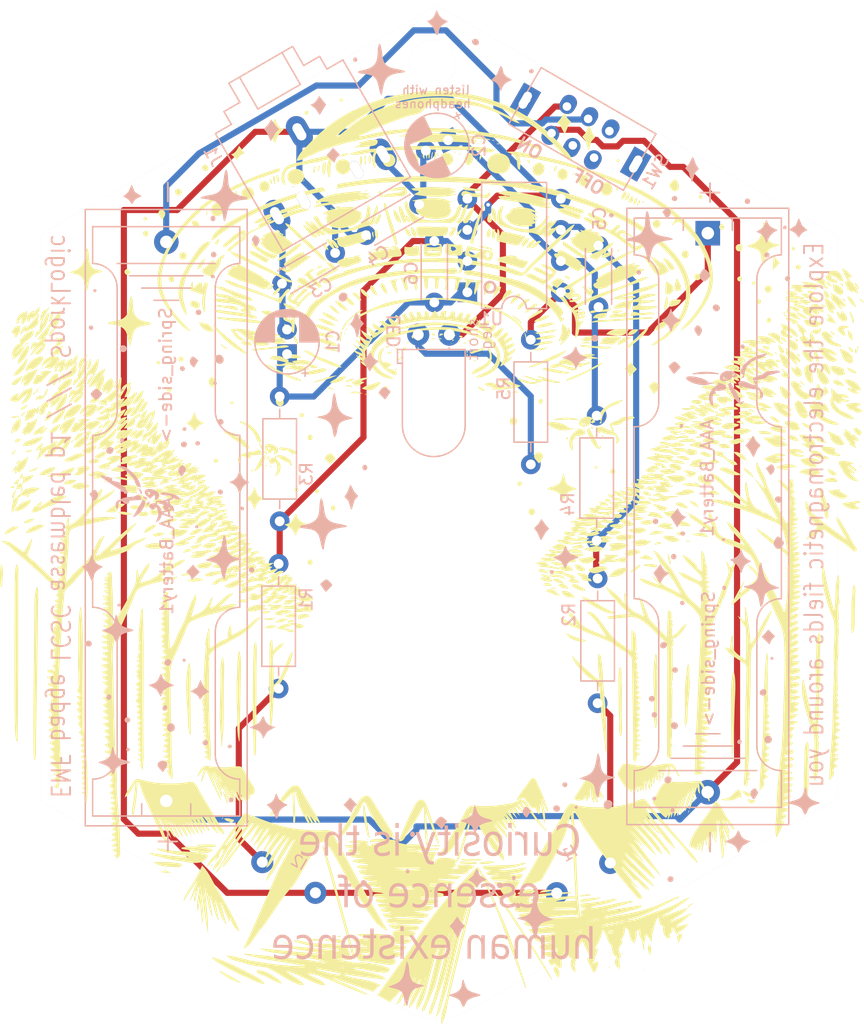
<source format=kicad_pcb>
(kicad_pcb (version 20240108) (generator "pcbnew") (generator_version "8.0")
  (layers (0 "F.Cu" signal) (31 "B.Cu" signal) (34 "B.Paste" user) (35 "F.Paste" user) (36 "B.SilkS" user "B.Silkscreen") (37 "F.SilkS" user "F.Silkscreen") (38 "B.Mask" user) (39 "F.Mask" user) (44 "Edge.Cuts" user))
  (net 0 "")
  (net 1 "+VDC")
  (net 2 "-VDC")
  (net 3 "Net-(C1-Pad2)")
  (net 4 "Net-(C2-Pad2)")
  (net 5 "GND")
  (net 6 "Net-(U1A--)")
  (net 7 "Net-(U1B--)")
  (net 10 "Net-(I1-Pad2)")
  (net 11 "Net-(I2-Pad2)")
  (net 12 "Net-(C1-Pad1)")
  (net 13 "Net-(C2-Pad1)")
  (net 14 "Net-(AAA_Battery1--)")
  (net 15 "Net-(AAA_Battery2--)")
  (net 18 "Net-(D1-A)")
  (footprint "Connector_Audio:Jack_3.5mm_CUI_SJ1-3525N_Horizontal" (layer "B.Cu") (at 150.740127 80.29 30)
    (property "Reference" "J1")
    (property "Value" "AudioJack2_Ground_Switch")
  )
  (footprint "Resistor_THT:R_Axial_DIN0207_L6.3mm_D2.5mm_P10.16mm_Horizontal" (layer "B.Cu") (at 174.975 113.57 90)
    (property "Reference" "R4")
    (property "Value" "100K")
  )
  (footprint "Button_Switch_THT:DPDT slide switch" (layer "B.Cu") (at 170.616604 80.580544 -30)
    (property "Reference" "SW1")
    (property "Value" "SW_DPDT_x2")
  )
  (footprint "Resistor_THT:R_Axial_DIN0207_L6.3mm_D2.5mm_P10.16mm_Horizontal" (layer "B.Cu") (at 169.60596 107.380047 90)
    (property "Reference" "R5")
    (property "Value" "100")
  )
  (footprint "Battery:BatteryHolder_Keystone_2466_1xAAA" (layer "B.Cu") (at 184.035 89.315 -90)
    (property "Reference" "AAA_Battery1")
    (property "Value" "Spring_side->")
  )
  (footprint "LED_THT:LED_D5.0mm_Horizontal_O1.27mm_Z9.0mm" (layer "B.Cu") (at 162.967187 96.809411 180)
    (property "Reference" "D1" (hide yes))
    (property "Value" "LED")
  )
  (footprint "Capacitor_THT:C_Disc_D4.3mm_W1.9mm_P5.00mm" (layer "B.Cu") (at 156.169937 88.71 30)
    (property "Reference" "C4")
    (property "Value" "10uF")
  )
  (footprint "Capacitor_THT:C_Disc_D4.3mm_W1.9mm_P5.00mm" (layer "B.Cu") (at 175.125036 89.565067 -90)
    (property "Reference" "C5")
    (property "Value" "68pF")
  )
  (footprint "Package_DIP:DIP-8_W7.62mm" (layer "B.Cu") (at 164.434452 93.356797)
    (property "Reference" "U1")
    (property "Value" "NJM2115D" (hide yes))
  )
  (footprint "Inductor_THT:Inductor_D5.0mm_Horizontal_O3.81mm_Z9.0mm" (layer "B.Cu") (at 149.96 141.065 150)
    (property "Reference" "I2")
    (property "Value" "100mH")
  )
  (footprint "Capacitor_THT:C_Disc_D4.3mm_W1.9mm_P5.00mm" (layer "B.Cu") (at 161.74128 89.187682 -90)
    (property "Reference" "C6")
    (property "Value" "68pF")
  )
  (footprint "Resistor_THT:R_Axial_DIN0207_L6.3mm_D2.5mm_P10.16mm_Horizontal" (layer "B.Cu") (at 175.053918 126.828176 90)
    (property "Reference" "R2")
    (property "Value" "100")
  )
  (footprint "Capacitor_THT:CP_Radial_D5.0mm_P2.00mm" (layer "B.Cu") (at 149.73324 98.396541 90)
    (property "Reference" "C1")
    (property "Value" "4.7u")
  )
  (footprint "Battery:BatteryHolder_Keystone_2466_1xAAA" (layer "B.Cu") (at 139.885 134.015 90)
    (property "Reference" "AAA_Battery1")
    (property "Value" "Spring_side->")
  )
  (footprint "Capacitor_THT:C_Disc_D4.3mm_W1.9mm_P5.00mm" (layer "B.Cu") (at 153.654836 90.155181 -150)
    (property "Reference" "C3")
    (property "Value" "10uF")
  )
  (footprint "Inductor_THT:Inductor_D5.0mm_Horizontal_O3.81mm_Z9.0mm" (layer "B.Cu") (at 173.994312 140.961588 -150)
    (property "Reference" "I1")
    (property "Value" "100mH")
  )
  (footprint "Resistor_THT:R_Axial_DIN0207_L6.3mm_D2.5mm_P10.16mm_Horizontal" (layer "B.Cu") (at 149.135 112.01 90)
    (property "Reference" "R3")
    (property "Value" "100K")
  )
  (footprint "Resistor_THT:R_Axial_DIN0207_L6.3mm_D2.5mm_P10.16mm_Horizontal" (layer "B.Cu") (at 149.048751 125.637354 90)
    (property "Reference" "R1")
    (property "Value" "100")
  )
  (footprint "Capacitor_THT:CP_Radial_D5.0mm_P2.00mm" (layer "B.Cu") (at 162.860931 80.971115 -155)
    (property "Reference" "C2")
    (property "Value" "4.7u")
  )
  (gr_poly (pts (xy 183.734424 99.836199) (xy 183.601254 99.84305) (xy 183.467864 99.854161) (xy 183.334174 99.869493) (xy 183.200104 99.889008) (xy 183.06557 99.912671) (xy 182.930489 99.940443) (xy 182.794782 99.972287) (xy 182.794782 100.040706) (xy 184.151298 99.994354) (xy 184.936693 100.040706) (xy 184.936693 99.972287) (xy 184.801792 99.939141) (xy 184.667412 99.910588) (xy 184.533469 99.886592) (xy 184.399884 99.867114) (xy 184.266572 99.852116) (xy 184.133452 99.841563) (xy 184.000442 99.835417) (xy 183.86746 99.833641)) (fill solid) (layer "B.SilkS"))
  (gr_poly (pts (xy 171.320237 115.992389) (xy 171.305361 115.995234) (xy 171.290757 115.999458) (xy 171.276511 116.004972) (xy 171.262705 116.011681) (xy 171.249426 116.019498) (xy 171.236754 116.028333) (xy 171.224773 116.038095) (xy 171.213567 116.048692) (xy 171.203221 116.060036) (xy 171.193816 116.072036) (xy 171.185438 116.084601) (xy 171.178169 116.097641) (xy 171.172094 116.111067) (xy 171.167296 116.124787) (xy 171.163858 116.138711) (xy 171.161863 116.152749) (xy 171.161395 116.16681) (xy 171.16254 116.180806) (xy 171.165378 116.194644) (xy 171.169995 116.208233) (xy 171.176473 116.221485) (xy 171.184897 116.23431) (xy 171.19535 116.246616) (xy 171.207915 116.258314) (xy 171.222675 116.269313) (xy 171.239412 116.279415) (xy 171.256128 116.287435) (xy 171.272762 116.293466) (xy 171.289245 116.297599) (xy 171.305513 116.299928) (xy 171.321503 116.300544) (xy 171.337146 116.299541) (xy 171.352377 116.297011) (xy 171.367134 116.293047) (xy 171.381349 116.287738) (xy 171.394958 116.281182) (xy 171.407894 116.273469) (xy 171.420095 116.264689) (xy 171.431492 116.254939) (xy 171.442021 116.244309) (xy 171.451618 116.232891) (xy 171.460217 116.220779) (xy 171.467752 116.208065) (xy 171.474158 116.194842) (xy 171.47937 116.181202) (xy 171.483323 116.167235) (xy 171.485952 116.153039) (xy 171.48719 116.138701) (xy 171.486974 116.124317) (xy 171.485237 116.109978) (xy 171.481914 116.095778) (xy 171.47694 116.081807) (xy 171.470249 116.06816) (xy 171.461778 116.054928) (xy 171.451459 116.042204) (xy 171.439229 116.03008) (xy 171.425022 116.01865) (xy 171.410567 116.009318) (xy 171.395803 116.001997) (xy 171.380811 115.996596) (xy 171.365675 115.993024) (xy 171.350479 115.991194) (xy 171.335304 115.991011)) (fill solid) (layer "B.SilkS"))
  (gr_poly (pts (xy 135.518935 130.368843) (xy 135.507812 130.388908) (xy 135.488322 130.430258) (xy 135.472081 130.473061) (xy 135.458582 130.517114) (xy 135.447314 130.562211) (xy 135.437771 130.608149) (xy 135.42182 130.701723) (xy 135.406658 130.796197) (xy 135.398103 130.843259) (xy 135.388219 130.889931) (xy 135.376498 130.936008) (xy 135.36243 130.981288) (xy 135.345508 131.025561) (xy 135.325222 131.068625) (xy 135.307615 131.100303) (xy 135.288748 131.130552) (xy 135.268674 131.159422) (xy 135.247442 131.186963) (xy 135.225102 131.213219) (xy 135.201707 131.238245) (xy 135.151951 131.284793) (xy 135.098574 131.326998) (xy 135.041986 131.365254) (xy 134.98259 131.399951) (xy 134.920788 131.431482) (xy 134.856989 131.46024) (xy 134.791595 131.486614) (xy 134.725012 131.510998) (xy 134.657645 131.533786) (xy 134.388428 131.616796) (xy 134.388428 131.68529) (xy 134.61893 131.759399) (xy 134.7385 131.799799) (xy 134.798121 131.821564) (xy 134.85716 131.844652) (xy 134.915259 131.869268) (xy 134.972064 131.895622) (xy 135.02722 131.923923) (xy 135.080369 131.954378) (xy 135.131159 131.987194) (xy 135.179233 132.022582) (xy 135.224235 132.060748) (xy 135.245475 132.080939) (xy 135.265811 132.101902) (xy 135.273754 132.111348) (xy 135.281636 132.122396) (xy 135.297251 132.148814) (xy 135.312736 132.18019) (xy 135.328169 132.215556) (xy 135.359197 132.294393) (xy 135.39096 132.377591) (xy 135.407315 132.418411) (xy 135.424089 132.45742) (xy 135.441363 132.493653) (xy 135.459214 132.526143) (xy 135.46838 132.540683) (xy 135.47772 132.553924) (xy 135.487243 132.565746) (xy 135.496962 132.57603) (xy 135.506882 132.584651) (xy 135.517015 132.591491) (xy 135.527372 132.59643) (xy 135.53796 132.599345) (xy 135.547654 132.599783) (xy 135.557393 132.597854) (xy 135.567171 132.593699) (xy 135.576974 132.587457) (xy 135.586796 132.579267) (xy 135.596626 132.569271) (xy 135.616275 132.544417) (xy 135.635842 132.514016) (xy 135.655252 132.479186) (xy 135.674429 132.441049) (xy 135.693294 132.400723) (xy 135.764134 132.239944) (xy 135.780306 132.205479) (xy 135.795709 132.175547) (xy 135.810269 132.151267) (xy 135.823906 132.133759) (xy 135.878085 132.081735) (xy 135.935758 132.034957) (xy 135.99659 131.992987) (xy 136.060249 131.955386) (xy 136.126402 131.921716) (xy 136.194713 131.891537) (xy 136.26485 131.864411) (xy 136.336481 131.839902) (xy 136.40927 131.817567) (xy 136.482883 131.796968) (xy 136.631254 131.759228) (xy 136.778923 131.723172) (xy 136.923225 131.68529) (xy 136.923225 131.616796) (xy 136.856366 131.583495) (xy 136.787575 131.554469) (xy 136.717248 131.52887) (xy 136.645777 131.50586) (xy 136.356363 131.422837) (xy 136.2851 131.400123) (xy 136.215064 131.374942) (xy 136.146647 131.34645) (xy 136.080246 131.313805) (xy 136.047925 131.295662) (xy 136.016254 131.276164) (xy 135.985286 131.255207) (xy 135.955068 131.232684) (xy 135.92565 131.208491) (xy 135.897081 131.182523) (xy 135.86941 131.154674) (xy 135.842688 131.12484) (xy 135.813307 131.08695) (xy 135.786253 131.045757) (xy 135.761309 131.001665) (xy 135.738262 130.955081) (xy 135.716893 130.90641) (xy 135.69699 130.856057) (xy 135.678335 130.804426) (xy 135.660714 130.751926) (xy 135.596246 130.541322) (xy 135.564605 130.441337) (xy 135.548179 130.394091) (xy 135.53106 130.349218)) (fill solid) (layer "B.SilkS"))
  (gr_poly (pts (xy 188.958952 129.48583) (xy 188.92421 129.490802) (xy 188.886753 129.499783) (xy 188.852331 129.511548) (xy 188.820897 129.525881) (xy 188.792403 129.542564) (xy 188.766802 129.561386) (xy 188.744049 129.582127) (xy 188.724096 129.604575) (xy 188.706895 129.628513) (xy 188.692399 129.653727) (xy 188.680563 129.679999) (xy 188.671337 129.707115) (xy 188.664678 129.734861) (xy 188.660536 129.76302) (xy 188.658866 129.791377) (xy 188.659618 129.819715) (xy 188.662748 129.847823) (xy 188.668209 129.875479) (xy 188.675953 129.902474) (xy 188.685933 129.928589) (xy 188.698102 129.953609) (xy 188.712413 129.977319) (xy 188.72882 129.999504) (xy 188.747275 130.019949) (xy 188.767732 130.038436) (xy 188.790143 130.054752) (xy 188.814462 130.068681) (xy 188.840641 130.080008) (xy 188.868635 130.088517) (xy 188.898395 130.093992) (xy 188.929874 130.096219) (xy 188.963026 130.094982) (xy 188.997805 130.090065) (xy 189.034148 130.081372) (xy 189.067599 130.069856) (xy 189.098196 130.055733) (xy 189.125981 130.039222) (xy 189.150991 130.020541) (xy 189.173269 129.999904) (xy 189.192854 129.977534) (xy 189.209785 129.953645) (xy 189.224103 129.928457) (xy 189.235848 129.902185) (xy 189.24506 129.875049) (xy 189.251779 129.847265) (xy 189.256045 129.819052) (xy 189.257897 129.790625) (xy 189.257377 129.762205) (xy 189.254523 129.734008) (xy 189.249377 129.706252) (xy 189.241976 129.679155) (xy 189.232364 129.652933) (xy 189.220578 129.627805) (xy 189.206659 129.603988) (xy 189.190647 129.581701) (xy 189.172582 129.56116) (xy 189.152504 129.542583) (xy 189.130452 129.526189) (xy 189.106468 129.512194) (xy 189.080591 129.500816) (xy 189.052861 129.492273) (xy 189.023317 129.486782) (xy 188.992001 129.484562)) (fill solid) (layer "B.SilkS"))
  (gr_poly (pts (xy 147.715133 127.963477) (xy 147.698819 128.011542) (xy 147.681497 128.057094) (xy 147.663166 128.100242) (xy 147.64382 128.141091) (xy 147.623461 128.179753) (xy 147.602084 128.216331) (xy 147.579688 128.250935) (xy 147.55627 128.283673) (xy 147.531829 128.314653) (xy 147.506363 128.343981) (xy 147.479869 128.371766) (xy 147.423788 128.423138) (xy 147.363569 128.469628) (xy 147.299196 128.5121) (xy 147.230649 128.551416) (xy 147.157914 128.588435) (xy 147.080971 128.624023) (xy 146.914395 128.694344) (xy 146.730779 128.769273) (xy 146.730779 128.8378) (xy 146.829758 128.8617) (xy 146.925046 128.88678) (xy 147.016452 128.913633) (xy 147.103791 128.942854) (xy 147.186873 128.975035) (xy 147.265512 129.010772) (xy 147.303106 129.030158) (xy 147.339518 129.050657) (xy 147.374726 129.072341) (xy 147.408704 129.095283) (xy 147.44143 129.11956) (xy 147.472882 129.145245) (xy 147.503034 129.172412) (xy 147.531863 129.201138) (xy 147.559346 129.231491) (xy 147.585459 129.263552) (xy 147.610179 129.297391) (xy 147.633483 129.333083) (xy 147.655346 129.370703) (xy 147.675746 129.410325) (xy 147.694658 129.452022) (xy 147.71206 129.495871) (xy 147.727927 129.541942) (xy 147.742238 129.590314) (xy 147.754965 129.641057) (xy 147.766089 129.694248) (xy 147.801734 129.694248) (xy 148.132908 129.141997) (xy 148.801015 128.769273) (xy 148.696865 128.745914) (xy 148.600474 128.720853) (xy 148.511435 128.693592) (xy 148.429339 128.663635) (xy 148.353778 128.630483) (xy 148.318321 128.612553) (xy 148.284346 128.593639) (xy 148.251801 128.573678) (xy 148.220634 128.552608) (xy 148.190796 128.530365) (xy 148.162235 128.50689) (xy 148.134899 128.482118) (xy 148.10874 128.455989) (xy 148.083705 128.42844) (xy 148.059744 128.399408) (xy 148.036805 128.368832) (xy 148.014837 128.33665) (xy 147.993789 128.302798) (xy 147.973612 128.267216) (xy 147.954254 128.229841) (xy 147.935662 128.190611) (xy 147.900578 128.106336) (xy 147.867954 128.013896) (xy 147.837382 127.912791) (xy 147.73044 127.912791)) (fill solid) (layer "B.SilkS"))
  (gr_poly (pts (xy 142.486604 94.762874) (xy 142.465995 94.766828) (xy 142.446112 94.772788) (xy 142.427038 94.780627) (xy 142.408857 94.790211) (xy 142.391653 94.80141) (xy 142.375508 94.814094) (xy 142.360507 94.828133) (xy 142.346735 94.843393) (xy 142.334275 94.859748) (xy 142.323208 94.877063) (xy 142.313621 94.895209) (xy 142.305598 94.914056) (xy 142.29922 94.933472) (xy 142.294572 94.953327) (xy 142.291739 94.973489) (xy 142.290801 94.993829) (xy 142.291848 95.014216) (xy 142.294958 95.034518) (xy 142.300217 95.054604) (xy 142.307709 95.074346) (xy 142.317517 95.093612) (xy 142.329725 95.112269) (xy 142.344416 95.130189) (xy 142.361675 95.147239) (xy 142.381586 95.163291) (xy 142.404231 95.178211) (xy 142.429933 95.191965) (xy 142.455168 95.2025) (xy 142.47986 95.209967) (xy 142.503934 95.214524) (xy 142.527317 95.216323) (xy 142.549932 95.215522) (xy 142.571701 95.212273) (xy 142.592553 95.206734) (xy 142.612408 95.199056) (xy 142.631194 95.189397) (xy 142.648833 95.177909) (xy 142.665252 95.16475) (xy 142.680372 95.150072) (xy 142.694122 95.13403) (xy 142.706421 95.11678) (xy 142.717198 95.098477) (xy 142.726376 95.079274) (xy 142.733879 95.059328) (xy 142.739632 95.038792) (xy 142.74356 95.017822) (xy 142.745585 94.996573) (xy 142.745635 94.975198) (xy 142.743632 94.953854) (xy 142.739502 94.932693) (xy 142.733168 94.911873) (xy 142.724556 94.891546) (xy 142.713589 94.871869) (xy 142.700193 94.852995) (xy 142.68429 94.835081) (xy 142.665808 94.81828) (xy 142.644669 94.802747) (xy 142.620799 94.788636) (xy 142.597597 94.777798) (xy 142.574617 94.769752) (xy 142.551944 94.764368) (xy 142.529662 94.761514) (xy 142.507853 94.76106)) (fill solid) (layer "B.SilkS"))
  (gr_poly (pts (xy 187.831267 133.771541) (xy 187.801746 133.786175) (xy 187.773428 133.801487) (xy 187.746346 133.81746) (xy 187.720531 133.83408) (xy 187.696016 133.851331) (xy 187.672833 133.869199) (xy 187.651015 133.887666) (xy 187.630596 133.906723) (xy 187.611607 133.92635) (xy 187.594081 133.946536) (xy 187.578051 133.967264) (xy 187.563548 133.98852) (xy 187.550607 134.010286) (xy 187.53926 134.032553) (xy 187.529538 134.055301) (xy 187.521473 134.078518) (xy 187.515101 134.102187) (xy 187.510452 134.126295) (xy 187.50756 134.150827) (xy 187.506456 134.175768) (xy 187.507174 134.201102) (xy 187.509746 134.226815) (xy 187.514204 134.252893) (xy 187.520582 134.27932) (xy 187.528911 134.306081) (xy 187.539225 134.333162) (xy 187.551557 134.360547) (xy 187.565936 134.388223) (xy 187.582399 134.416173) (xy 187.600976 134.444383) (xy 187.608571 134.455923) (xy 187.616255 134.46856) (xy 187.632074 134.496267) (xy 187.648818 134.525775) (xy 187.657654 134.540665) (xy 187.666866 134.555355) (xy 187.676501 134.56963) (xy 187.686604 134.583276) (xy 187.697226 134.596073) (xy 187.702747 134.602087) (xy 187.708415 134.607808) (xy 187.714235 134.613209) (xy 187.720215 134.618263) (xy 187.72636 134.622943) (xy 187.732678 134.627223) (xy 187.739172 134.631073) (xy 187.74585 134.634469) (xy 187.752716 134.637383) (xy 187.759779 134.639788) (xy 187.76928 134.642062) (xy 187.778497 134.643144) (xy 187.787436 134.643098) (xy 187.796105 134.641984) (xy 187.804511 134.639865) (xy 187.81266 134.636803) (xy 187.820558 134.632861) (xy 187.828215 134.628099) (xy 187.835634 134.622581) (xy 187.842825 134.616368) (xy 187.849793 134.609525) (xy 187.856545 134.602111) (xy 187.869432 134.585822) (xy 187.881536 134.567998) (xy 187.956837 134.429852) (xy 188.001208 134.366652) (xy 188.038593 134.311196) (xy 188.069111 134.262405) (xy 188.08183 134.240172) (xy 188.092876 134.219202) (xy 188.102264 134.199359) (xy 188.110007 134.18051) (xy 188.11612 134.162518) (xy 188.120619 134.145249) (xy 188.123517 134.128571) (xy 188.124828 134.112344) (xy 188.124567 134.096438) (xy 188.12275 134.080717) (xy 188.119391 134.065046) (xy 188.114503 134.04929) (xy 188.108102 134.033313) (xy 188.100202 134.016983) (xy 188.090817 134.000163) (xy 188.079963 133.98272) (xy 188.053904 133.945425) (xy 188.02214 133.904019) (xy 187.984787 133.857424) (xy 187.893783 133.744356)) (fill solid) (layer "B.SilkS"))
  (gr_poly (pts (xy 155.936687 141.228751) (xy 155.913073 141.232949) (xy 155.890644 141.239499) (xy 155.869456 141.248238) (xy 155.84956 141.259006) (xy 155.831012 141.27164) (xy 155.813865 141.285978) (xy 155.798174 141.301858) (xy 155.783989 141.319118) (xy 155.771368 141.337596) (xy 155.760361 141.357129) (xy 155.751026 141.377556) (xy 155.743413 141.398716) (xy 155.737578 141.420445) (xy 155.733573 141.442581) (xy 155.731454 141.464964) (xy 155.731272 141.48743) (xy 155.733083 141.509818) (xy 155.736939 141.531964) (xy 155.742896 141.55371) (xy 155.751005 141.57489) (xy 155.761321 141.595344) (xy 155.773899 141.614908) (xy 155.788791 141.633423) (xy 155.806049 141.650724) (xy 155.825732 141.666651) (xy 155.84789 141.681041) (xy 155.872578 141.693733) (xy 155.90173 141.705405) (xy 155.930234 141.713745) (xy 155.958007 141.71892) (xy 155.984966 141.721099) (xy 156.011026 141.720448) (xy 156.036105 141.717139) (xy 156.060119 141.711338) (xy 156.082985 141.703214) (xy 156.104621 141.692934) (xy 156.124941 141.680669) (xy 156.143862 141.666584) (xy 156.161303 141.650848) (xy 156.177179 141.633631) (xy 156.191407 141.6151) (xy 156.203904 141.595425) (xy 156.214584 141.574771) (xy 156.223368 141.553309) (xy 156.230171 141.531205) (xy 156.234908 141.50863) (xy 156.237496 141.48575) (xy 156.237854 141.462735) (xy 156.235896 141.439751) (xy 156.231541 141.416969) (xy 156.224704 141.394555) (xy 156.215301 141.372678) (xy 156.203252 141.351508) (xy 156.18847 141.33121) (xy 156.170873 141.311955) (xy 156.150378 141.293909) (xy 156.126901 141.277243) (xy 156.100359 141.262123) (xy 156.070669 141.248718) (xy 156.041931 141.238724) (xy 156.01411 141.231892) (xy 155.98726 141.228061) (xy 155.961434 141.227068)) (fill solid) (layer "B.SilkS"))
  (gr_poly (pts (xy 136.797653 85.188244) (xy 136.356585 85.569363) (xy 136.415 85.59) (xy 136.471258 85.61249) (xy 136.525363 85.63689) (xy 136.577321 85.66325) (xy 136.627135 85.691622) (xy 136.67481 85.722061) (xy 136.720348 85.754619) (xy 136.763757 85.789348) (xy 136.805037 85.826301) (xy 136.844196 85.865534) (xy 136.881236 85.907094) (xy 136.916162 85.951038) (xy 136.948977 85.997418) (xy 136.979686 86.046286) (xy 137.008296 86.097695) (xy 137.034806 86.151699) (xy 137.1419 86.151699) (xy 137.154096 86.118702) (xy 137.167233 86.087134) (xy 137.181291 86.056941) (xy 137.196246 86.028068) (xy 137.212076 86.000461) (xy 137.228763 85.974064) (xy 137.24628 85.948825) (xy 137.26461 85.924689) (xy 137.283729 85.901602) (xy 137.303616 85.879509) (xy 137.324248 85.858357) (xy 137.345606 85.838089) (xy 137.367667 85.818654) (xy 137.390408 85.799995) (xy 137.437848 85.764792) (xy 137.487752 85.732048) (xy 137.539948 85.701325) (xy 137.594261 85.672191) (xy 137.650519 85.644212) (xy 137.768176 85.589979) (xy 137.891532 85.535152) (xy 137.319797 85.179784) (xy 137.070494 84.576109)) (fill solid) (layer "B.SilkS"))
  (gr_poly (pts (xy 133.740304 114.908938) (xy 133.716948 114.98661) (xy 133.69228 115.060488) (xy 133.665777 115.130592) (xy 133.636909 115.196939) (xy 133.605155 115.259545) (xy 133.588029 115.289452) (xy 133.569986 115.31843) (xy 133.550956 115.346483) (xy 133.530876 115.373612) (xy 133.509681 115.399819) (xy 133.487304 115.425107) (xy 133.463678 115.449478) (xy 133.43874 115.472935) (xy 133.412423 115.495478) (xy 133.384661 115.517112) (xy 133.355388 115.537836) (xy 133.324539 115.557656) (xy 133.292049 115.576571) (xy 133.25785 115.594585) (xy 133.22188 115.6117) (xy 133.18407 115.627918) (xy 133.144355 115.643241) (xy 133.102671 115.657671) (xy 133.058949 115.671211) (xy 133.013127 115.683863) (xy 133.467343 116.132669) (xy 133.798521 116.848912) (xy 133.817534 116.840695) (xy 133.83509 116.831129) (xy 133.851269 116.820283) (xy 133.866141 116.808227) (xy 133.879784 116.795035) (xy 133.892272 116.780775) (xy 133.903679 116.765518) (xy 133.914081 116.749333) (xy 133.923553 116.732294) (xy 133.93217 116.71447) (xy 133.947136 116.676748) (xy 133.959579 116.636732) (xy 133.970097 116.594989) (xy 134.004911 116.42202) (xy 134.014795 116.380105) (xy 134.026348 116.339849) (xy 134.040171 116.301817) (xy 134.048122 116.283812) (xy 134.056863 116.266574) (xy 134.083212 116.222027) (xy 134.112246 116.179641) (xy 134.143773 116.139305) (xy 134.177593 116.100915) (xy 134.213511 116.06436) (xy 134.251332 116.029535) (xy 134.290855 115.996332) (xy 134.331887 115.964641) (xy 134.37423 115.934355) (xy 134.41769 115.905367) (xy 134.462066 115.877569) (xy 134.507166 115.850853) (xy 134.598745 115.800238) (xy 134.690853 115.752657) (xy 134.690853 115.683863) (xy 134.600661 115.650581) (xy 134.517501 115.616419) (xy 134.440915 115.580985) (xy 134.37044 115.543892) (xy 134.305619 115.50475) (xy 134.245991 115.463167) (xy 134.191096 115.418755) (xy 134.140475 115.371126) (xy 134.093669 115.319886) (xy 134.050214 115.26465) (xy 134.009654 115.205027) (xy 133.971529 115.140625) (xy 133.935377 115.071058) (xy 133.90074 114.995934) (xy 133.867158 114.914863) (xy 133.83417 114.827457) (xy 133.762873 114.827457)) (fill solid) (layer "B.SilkS"))
  (gr_poly (pts (xy 186.457086 137.261513) (xy 186.44079 137.309577) (xy 186.423486 137.355127) (xy 186.405169 137.398272) (xy 186.38584 137.439121) (xy 186.365494 137.477779) (xy 186.344133 137.514356) (xy 186.32175 137.548961) (xy 186.298347 137.581698) (xy 186.273918 137.612677) (xy 186.248462 137.642005) (xy 186.221978 137.669789) (xy 186.165915 137.721161) (xy 186.105711 137.76765) (xy 186.041348 137.810123) (xy 185.972809 137.849438) (xy 185.900074 137.886458) (xy 185.823128 137.922042) (xy 185.656529 137.992357) (xy 185.472871 138.067275) (xy 185.472871 138.135807) (xy 185.571849 138.159707) (xy 185.667139 138.184787) (xy 185.758549 138.211641) (xy 185.845894 138.240864) (xy 185.928981 138.273048) (xy 186.007624 138.308786) (xy 186.04522 138.328175) (xy 186.081634 138.348674) (xy 186.116843 138.37036) (xy 186.150821 138.393304) (xy 186.183548 138.417583) (xy 186.214997 138.44327) (xy 186.245147 138.470439) (xy 186.273973 138.499164) (xy 186.301452 138.529521) (xy 186.327562 138.561582) (xy 186.352276 138.595421) (xy 186.375571 138.631115) (xy 186.397426 138.668736) (xy 186.417815 138.708358) (xy 186.436716 138.750057) (xy 186.454104 138.793906) (xy 186.469957 138.839978) (xy 186.484249 138.888349) (xy 186.49696 138.939094) (xy 186.508063 138.992284) (xy 186.543746 138.992284) (xy 186.875 138.44) (xy 187.543253 138.067275) (xy 187.439102 138.043918) (xy 187.342706 138.018859) (xy 187.253655 137.9916) (xy 187.171545 137.961645) (xy 187.095969 137.928496) (xy 187.060504 137.910569) (xy 187.026518 137.891656) (xy 186.993964 137.871697) (xy 186.962788 137.850628) (xy 186.932942 137.828388) (xy 186.904371 137.804914) (xy 186.877027 137.780144) (xy 186.850859 137.754016) (xy 186.825817 137.726469) (xy 186.801848 137.697439) (xy 186.778902 137.666864) (xy 186.756927 137.634684) (xy 186.735875 137.600833) (xy 186.715693 137.565253) (xy 186.69633 137.527878) (xy 186.677737 137.48865) (xy 186.642652 137.404377) (xy 186.610034 137.311936) (xy 186.579471 137.21083) (xy 186.472377 137.21083)) (fill solid) (layer "B.SilkS"))
  (gr_poly (pts (xy 181.925557 118.484057) (xy 181.908442 118.48628) (xy 181.892183 118.490271) (xy 181.876824 118.495913) (xy 181.862409 118.50309) (xy 181.84898 118.511684) (xy 181.83658 118.521577) (xy 181.825252 118.532652) (xy 181.81504 118.544794) (xy 181.805986 118.557885) (xy 181.798133 118.571808) (xy 181.791524 118.586446) (xy 181.786203 118.601681) (xy 181.782211 118.617396) (xy 181.779592 118.633475) (xy 181.77839 118.649802) (xy 181.778648 118.666257) (xy 181.780405 118.682725) (xy 181.78371 118.699089) (xy 181.788601 118.715232) (xy 181.795124 118.731035) (xy 181.803321 118.746383) (xy 181.813235 118.761159) (xy 181.824909 118.775245) (xy 181.838385 118.788525) (xy 181.853708 118.80088) (xy 181.870919 118.812195) (xy 181.890063 118.822353) (xy 181.91083 118.831092) (xy 181.930968 118.837416) (xy 181.950431 118.841446) (xy 181.969174 118.843301) (xy 181.987154 118.843103) (xy 182.004327 118.840974) (xy 182.020648 118.837033) (xy 182.036073 118.831402) (xy 182.050558 118.824201) (xy 182.064059 118.815552) (xy 182.076529 118.805576) (xy 182.087928 118.794394) (xy 182.09821 118.782124) (xy 182.10733 118.768891) (xy 182.115245 118.754815) (xy 182.12191 118.740014) (xy 182.127282 118.724612) (xy 182.131314 118.70873) (xy 182.133964 118.692486) (xy 182.135188 118.676003) (xy 182.134941 118.659402) (xy 182.133178 118.642803) (xy 182.129857 118.626328) (xy 182.124932 118.610098) (xy 182.118358 118.594232) (xy 182.110094 118.578852) (xy 182.100092 118.56408) (xy 182.088311 118.550035) (xy 182.074704 118.53684) (xy 182.059229 118.524615) (xy 182.041841 118.51348) (xy 182.022495 118.503556) (xy 182.001737 118.495184) (xy 181.98162 118.489166) (xy 181.962191 118.485382) (xy 181.943488 118.483719)) (fill solid) (layer "B.SilkS"))
  (gr_poly (pts (xy 145.171285 134.504222) (xy 145.151616 134.507073) (xy 145.132681 134.511914) (xy 145.11454 134.518612) (xy 145.097254 134.52703) (xy 145.080881 134.537034) (xy 145.065486 134.54849) (xy 145.051127 134.561261) (xy 145.037865 134.575213) (xy 145.025761 134.590211) (xy 145.014874 134.606119) (xy 145.005265 134.622804) (xy 144.996997 134.64013) (xy 144.990129 134.657962) (xy 144.98472 134.676163) (xy 144.980833 134.694602) (xy 144.978528 134.71314) (xy 144.977866 134.731645) (xy 144.978905 134.749982) (xy 144.981707 134.768012) (xy 144.986334 134.785606) (xy 144.992847 134.802624) (xy 145.001303 134.818934) (xy 145.011765 134.834399) (xy 145.024294 134.848884) (xy 145.03895 134.862256) (xy 145.055794 134.874379) (xy 145.074885 134.885117) (xy 145.096286 134.894336) (xy 145.117722 134.901026) (xy 145.138752 134.905129) (xy 145.15931 134.906784) (xy 145.179331 134.906131) (xy 145.198747 134.903308) (xy 145.217496 134.898454) (xy 145.235511 134.891711) (xy 145.252728 134.883215) (xy 145.269078 134.873105) (xy 145.284498 134.861522) (xy 145.298925 134.848605) (xy 145.31229 134.834492) (xy 145.324528 134.819322) (xy 145.335574 134.803235) (xy 145.345364 134.786371) (xy 145.353831 134.768868) (xy 145.360911 134.750864) (xy 145.366537 134.7325) (xy 145.370644 134.713914) (xy 145.373167 134.695245) (xy 145.374041 134.676633) (xy 145.373201 134.658216) (xy 145.370579 134.640134) (xy 145.366113 134.622527) (xy 145.359733 134.605534) (xy 145.351379 134.589292) (xy 145.340983 134.573941) (xy 145.328479 134.55962) (xy 145.313803 134.54647) (xy 145.296888 134.534629) (xy 145.27767 134.524235) (xy 145.256083 134.515426) (xy 145.234086 134.508965) (xy 145.21258 134.505033) (xy 145.191627 134.503496)) (fill solid) (layer "B.SilkS"))
  (gr_poly (pts (xy 133.740664 96.062028) (xy 133.720708 96.065268) (xy 133.698332 96.0712) (xy 133.678035 96.078834) (xy 133.659775 96.088032) (xy 133.643504 96.098657) (xy 133.629183 96.110572) (xy 133.616764 96.12364) (xy 133.606206 96.137726) (xy 133.597466 96.15269) (xy 133.590498 96.168396) (xy 133.58526 96.184707) (xy 133.581707 96.201486) (xy 133.579797 96.218595) (xy 133.579485 96.2359) (xy 133.580728 96.25326) (xy 133.583482 96.27054) (xy 133.587704 96.287602) (xy 133.59335 96.304309) (xy 133.600375 96.320526) (xy 133.608737 96.336113) (xy 133.618393 96.350934) (xy 133.629298 96.364853) (xy 133.641409 96.377731) (xy 133.65468 96.389432) (xy 133.669072 96.39982) (xy 133.684537 96.408756) (xy 133.701032 96.416105) (xy 133.718516 96.421727) (xy 133.736944 96.425487) (xy 133.756271 96.427247) (xy 133.776456 96.426872) (xy 133.797452 96.424222) (xy 133.819217 96.419162) (xy 133.838772 96.412512) (xy 133.856495 96.404372) (xy 133.872423 96.39486) (xy 133.886595 96.384098) (xy 133.899047 96.372206) (xy 133.909815 96.359306) (xy 133.918938 96.345518) (xy 133.926453 96.330963) (xy 133.932395 96.315761) (xy 133.936802 96.300033) (xy 133.939713 96.283899) (xy 133.941164 96.267481) (xy 133.941191 96.2509) (xy 133.939832 96.234277) (xy 133.937126 96.217729) (xy 133.933107 96.201381) (xy 133.927813 96.18535) (xy 133.921283 96.169761) (xy 133.913551 96.154732) (xy 133.904657 96.140383) (xy 133.894636 96.126837) (xy 133.883527 96.114213) (xy 133.871366 96.102632) (xy 133.858189 96.092215) (xy 133.844036 96.083084) (xy 133.828941 96.075356) (xy 133.812945 96.069156) (xy 133.796081 96.064602) (xy 133.778388 96.061816) (xy 133.759904 96.060917)) (fill solid) (layer "B.SilkS"))
  (gr_poly (pts (xy 134.059772 93.094343) (xy 134.047354 93.095961) (xy 134.03534 93.098815) (xy 134.02378 93.102824) (xy 134.012722 93.107913) (xy 134.002219 93.114) (xy 133.992317 93.121009) (xy 133.983068 93.128862) (xy 133.974522 93.137479) (xy 133.966727 93.146785) (xy 133.959733 93.156697) (xy 133.953591 93.16714) (xy 133.94835 93.178035) (xy 133.944059 93.189303) (xy 133.940769 93.200869) (xy 133.938528 93.21265) (xy 133.937388 93.224571) (xy 133.937396 93.23655) (xy 133.938604 93.248514) (xy 133.941061 93.260381) (xy 133.944816 93.272075) (xy 133.949919 93.283515) (xy 133.95642 93.294625) (xy 133.964368 93.305326) (xy 133.973814 93.315539) (xy 133.984807 93.325187) (xy 133.997396 93.334191) (xy 134.011167 93.342193) (xy 134.024849 93.34839) (xy 134.03839 93.352865) (xy 134.051738 93.355704) (xy 134.064845 93.356992) (xy 134.077658 93.356812) (xy 134.090125 93.355251) (xy 134.102197 93.352392) (xy 134.11382 93.348322) (xy 134.124946 93.343123) (xy 134.135521 93.336882) (xy 134.145496 93.329681) (xy 134.154817 93.321607) (xy 134.163436 93.312746) (xy 134.1713 93.303179) (xy 134.178359 93.292993) (xy 134.18456 93.282273) (xy 134.189855 93.271103) (xy 134.19419 93.259568) (xy 134.197515 93.247753) (xy 134.199777 93.235741) (xy 134.200929 93.22362) (xy 134.200914 93.211471) (xy 134.199686 93.199381) (xy 134.197192 93.187436) (xy 134.193381 93.175717) (xy 134.188199 93.164312) (xy 134.1816 93.153304) (xy 134.173529 93.14278) (xy 134.163937 93.132821) (xy 134.152772 93.123514) (xy 134.139981 93.114944) (xy 134.126183 93.107511) (xy 134.11249 93.101782) (xy 134.098953 93.097678) (xy 134.085622 93.095123) (xy 134.072544 93.094038)) (fill solid) (layer "B.SilkS"))
  (gr_poly (pts (xy 185.879324 100.702218) (xy 185.859722 100.713213) (xy 185.841488 100.724457) (xy 185.824594 100.735956) (xy 185.809011 100.747709) (xy 185.794712 100.759722) (xy 185.781668 100.771996) (xy 185.769852 100.784533) (xy 185.759236 100.797336) (xy 185.74979 100.810408) (xy 185.741487 100.823752) (xy 185.734301 100.837369) (xy 185.728199 100.851264) (xy 185.723159 100.865436) (xy 185.719148 100.87989) (xy 185.716141 100.894629) (xy 185.714108 100.909655) (xy 185.713021 100.924968) (xy 185.712854 100.940575) (xy 185.713577 100.956475) (xy 185.715162 100.972674) (xy 185.717582 100.989171) (xy 185.720808 101.005969) (xy 185.724812 101.023074) (xy 185.729566 101.040484) (xy 185.735042 101.058205) (xy 185.748049 101.094585) (xy 185.763607 101.132235) (xy 185.781491 101.171175) (xy 185.934972 101.490938) (xy 186.02353 101.66567) (xy 186.070823 101.753781) (xy 186.120146 101.841257) (xy 186.171518 101.927249) (xy 186.224955 102.01091) (xy 186.280473 102.091392) (xy 186.338091 102.167847) (xy 186.397824 102.239426) (xy 186.45969 102.305282) (xy 186.523705 102.364564) (xy 186.589885 102.416426) (xy 186.608746 102.428993) (xy 186.6273 102.439762) (xy 186.645536 102.448786) (xy 186.663436 102.456122) (xy 186.680987 102.461825) (xy 186.698176 102.465947) (xy 186.714988 102.468545) (xy 186.731408 102.469676) (xy 186.747424 102.469392) (xy 186.763018 102.467749) (xy 186.77818 102.464801) (xy 186.792894 102.460606) (xy 186.807145 102.455215) (xy 186.820921 102.448686) (xy 186.834207 102.441072) (xy 186.846987 102.432429) (xy 186.859248 102.422812) (xy 186.870977 102.412275) (xy 186.882158 102.400873) (xy 186.892778 102.388664) (xy 186.902823 102.375698) (xy 186.912278 102.362034) (xy 186.921129 102.347725) (xy 186.929362 102.332827) (xy 186.936962 102.317394) (xy 186.943917 102.301481) (xy 186.950211 102.285144) (xy 186.955829 102.268437) (xy 186.960759 102.251416) (xy 186.964986 102.234134) (xy 186.968497 102.216648) (xy 186.971275 102.199013) (xy 186.685712 102.335859) (xy 186.678014 102.283775) (xy 186.667943 102.231614) (xy 186.641196 102.127112) (xy 186.606498 102.022451) (xy 186.564881 101.917728) (xy 186.517374 101.813038) (xy 186.465004 101.70848) (xy 186.4088 101.604151) (xy 186.349794 101.500147) (xy 186.106318 101.089327) (xy 186.048732 100.988406) (xy 185.994518 100.888391) (xy 185.944704 100.789381) (xy 185.900321 100.691474)) (fill solid) (layer "B.SilkS"))
  (gr_poly (pts (xy 144.563102 113.187042) (xy 144.539066 113.29073) (xy 144.496909 113.507329) (xy 144.456388 113.730853) (xy 144.410013 113.95485) (xy 144.382285 114.065012) (xy 144.350283 114.172873) (xy 144.313067 114.277628) (xy 144.269702 114.378471) (xy 144.21925 114.474593) (xy 144.191076 114.520634) (xy 144.160777 114.565191) (xy 144.128238 114.608167) (xy 144.093342 114.649459) (xy 144.055972 114.688966) (xy 144.016009 114.726587) (xy 143.970277 114.76458) (xy 143.921889 114.799955) (xy 143.871132 114.832938) (xy 143.818294 114.863754) (xy 143.763663 114.892626) (xy 143.707528 114.919781) (xy 143.650176 114.945442) (xy 143.591897 114.969834) (xy 143.126817 115.146212) (xy 143.126817 115.180476) (xy 143.198766 115.205281) (xy 143.272539 115.227159) (xy 143.423654 115.265254) (xy 143.576349 115.300992) (xy 143.652098 115.319922) (xy 143.726814 115.340601) (xy 143.800019 115.363804) (xy 143.871238 115.390313) (xy 143.939994 115.420905) (xy 144.00581 115.456358) (xy 144.037467 115.476151) (xy 144.068211 115.497452) (xy 144.097982 115.520356) (xy 144.12672 115.544964) (xy 144.154366 115.571372) (xy 144.180861 115.599676) (xy 144.206145 115.629974) (xy 144.230157 115.662364) (xy 144.248554 115.690782) (xy 144.265209 115.720758) (xy 144.280259 115.752168) (xy 144.293838 115.784886) (xy 144.317125 115.853748) (xy 144.336152 115.926344) (xy 144.352002 116.001673) (xy 144.365756 116.078734) (xy 144.391305 116.234052) (xy 144.405263 116.310307) (xy 144.421452 116.384292) (xy 144.440957 116.455006) (xy 144.464855 116.521451) (xy 144.478791 116.552759) (xy 144.494232 116.582624) (xy 144.511312 116.610921) (xy 144.530168 116.637525) (xy 144.550933 116.66231) (xy 144.573744 116.685152) (xy 144.598737 116.705927) (xy 144.626044 116.724507) (xy 144.656559 116.630853) (xy 144.68169 116.536269) (xy 144.702799 116.441184) (xy 144.721256 116.346023) (xy 144.755671 116.157186) (xy 144.774361 116.064362) (xy 144.79586 115.973171) (xy 144.821535 115.884039) (xy 144.85275 115.797392) (xy 144.890872 115.713659) (xy 144.912951 115.673019) (xy 144.937268 115.633267) (xy 144.963994 115.594456) (xy 144.9933 115.556641) (xy 145.025359 115.519874) (xy 145.060338 115.484209) (xy 145.098411 115.449698) (xy 145.139745 115.416396) (xy 145.184515 115.384356) (xy 145.232888 115.353632) (xy 145.274082 115.330558) (xy 145.316953 115.309428) (xy 145.361303 115.290054) (xy 145.406933 115.272246) (xy 145.453648 115.255814) (xy 145.501249 115.240572) (xy 145.598318 115.212896) (xy 145.794394 115.163495) (xy 145.89024 115.138747) (xy 145.982518 115.111952) (xy 145.982518 115.043062) (xy 145.883416 115.020574) (xy 145.782118 115.000768) (xy 145.679874 114.98135) (xy 145.577936 114.960029) (xy 145.527472 114.947937) (xy 145.477555 114.93451) (xy 145.42834 114.919461) (xy 145.379983 114.902503) (xy 145.332642 114.883349) (xy 145.286473 114.861713) (xy 145.241632 114.83731) (xy 145.198276 114.809851) (xy 145.144142 114.769875) (xy 145.095452 114.727614) (xy 145.051886 114.683206) (xy 145.013129 114.636792) (xy 144.978861 114.588511) (xy 144.948766 114.538501) (xy 144.922526 114.486903) (xy 144.899823 114.433853) (xy 144.880339 114.379494) (xy 144.863757 114.323962) (xy 144.83803 114.209941) (xy 144.820098 114.092903) (xy 144.807424 113.973962) (xy 144.78768 113.734821) (xy 144.77553 113.616849) (xy 144.758472 113.501427) (xy 144.733967 113.389669) (xy 144.718128 113.33551) (xy 144.699473 113.282686) (xy 144.677686 113.231334) (xy 144.652451 113.181594) (xy 144.623446 113.133605) (xy 144.590358 113.087505)) (fill solid) (layer "B.SilkS"))
  (gr_poly (pts (xy 140.002639 123.245215) (xy 139.973272 123.249978) (xy 139.94307 123.257926) (xy 139.912119 123.269227) (xy 139.88378 123.282646) (xy 139.858236 123.297984) (xy 139.835431 123.315059) (xy 139.815311 123.333687) (xy 139.797818 123.353685) (xy 139.782899 123.374869) (xy 139.770499 123.397057) (xy 139.760561 123.420064) (xy 139.753029 123.443708) (xy 139.747849 123.467805) (xy 139.744967 123.492172) (xy 139.744325 123.516626) (xy 139.745869 123.540984) (xy 139.749542 123.565061) (xy 139.75529 123.588676) (xy 139.763058 123.611644) (xy 139.77279 123.633782) (xy 139.78443 123.654907) (xy 139.797925 123.674836) (xy 139.813217 123.693386) (xy 139.830252 123.710372) (xy 139.848973 123.725612) (xy 139.869327 123.738922) (xy 139.891257 123.75012) (xy 139.914707 123.759021) (xy 139.939625 123.765444) (xy 139.965952 123.769202) (xy 139.993635 123.770116) (xy 140.022616 123.768) (xy 140.052841 123.762673) (xy 140.084256 123.753947) (xy 140.116804 123.741644) (xy 140.147886 123.726722) (xy 140.175717 123.710137) (xy 140.20038 123.69206) (xy 140.221956 123.672656) (xy 140.240532 123.652093) (xy 140.25619 123.630537) (xy 140.269012 123.608156) (xy 140.279083 123.585117) (xy 140.286486 123.561586) (xy 140.291304 123.53773) (xy 140.293621 123.513719) (xy 140.29352 123.489718) (xy 140.291084 123.465894) (xy 140.286397 123.442415) (xy 140.279541 123.419447) (xy 140.270603 123.397159) (xy 140.259663 123.375715) (xy 140.246804 123.355286) (xy 140.232112 123.336035) (xy 140.215668 123.318133) (xy 140.197557 123.301746) (xy 140.177862 123.287039) (xy 140.156665 123.274181) (xy 140.134051 123.26334) (xy 140.110104 123.25468) (xy 140.084904 123.24837) (xy 140.058539 123.24458) (xy 140.03109 123.243472)) (fill solid) (layer "B.SilkS"))
  (gr_poly (pts (xy 164.928402 140.852639) (xy 164.487334 141.233935) (xy 164.545749 141.254568) (xy 164.602007 141.277059) (xy 164.656112 141.301461) (xy 164.70807 141.327826) (xy 164.757884 141.356206) (xy 164.805558 141.386654) (xy 164.851097 141.419222) (xy 164.894505 141.453961) (xy 164.935785 141.490925) (xy 164.974944 141.530166) (xy 165.011984 141.571736) (xy 165.04691 141.615687) (xy 165.079726 141.662072) (xy 165.110435 141.710944) (xy 165.139044 141.762353) (xy 165.165554 141.816353) (xy 165.272649 141.816353) (xy 165.284848 141.78333) (xy 165.29799 141.751737) (xy 165.31205 141.721522) (xy 165.327007 141.692629) (xy 165.342841 141.665004) (xy 165.359528 141.638593) (xy 165.377048 141.613341) (xy 165.395379 141.589194) (xy 165.4145 141.566097) (xy 165.434388 141.543997) (xy 165.455022 141.522837) (xy 165.47638 141.502566) (xy 165.498441 141.483126) (xy 165.521183 141.464466) (xy 165.568623 141.429262) (xy 165.618526 141.396521) (xy 165.670721 141.365804) (xy 165.725033 141.336679) (xy 165.781287 141.308709) (xy 165.898936 141.254499) (xy 166.02228 141.199688) (xy 165.450542 140.844436) (xy 165.201279 140.24043)) (fill solid) (layer "B.SilkS"))
  (gr_poly (pts (xy 145.063077 130.201651) (xy 145.045755 130.203696) (xy 145.028958 130.207274) (xy 145.012763 130.212283) (xy 144.99724 130.218619) (xy 144.982464 130.226176) (xy 144.968508 130.234853) (xy 144.955441 130.244544) (xy 144.943342 130.255147) (xy 144.93228 130.266555) (xy 144.92233 130.278668) (xy 144.913563 130.29138) (xy 144.906054 130.304589) (xy 144.899874 130.318189) (xy 144.895099 130.332077) (xy 144.891799 130.34615) (xy 144.89005 130.360303) (xy 144.889922 130.374433) (xy 144.89149 130.388436) (xy 144.894825 130.402207) (xy 144.900004 130.415644) (xy 144.907095 130.428643) (xy 144.916174 130.441099) (xy 144.927314 130.452909) (xy 144.940587 130.463968) (xy 144.956067 130.474175) (xy 144.973827 130.483423) (xy 144.993939 130.491611) (xy 145.010371 130.496575) (xy 145.026768 130.499789) (xy 145.043054 130.501338) (xy 145.059164 130.501313) (xy 145.075024 130.499799) (xy 145.090569 130.496886) (xy 145.105726 130.492661) (xy 145.120428 130.487212) (xy 145.134602 130.480629) (xy 145.14818 130.472996) (xy 145.161093 130.464405) (xy 145.173269 130.454942) (xy 145.184642 130.444695) (xy 145.195139 130.433751) (xy 145.20469 130.422199) (xy 145.213229 130.410129) (xy 145.220684 130.397626) (xy 145.226984 130.38478) (xy 145.232062 130.371676) (xy 145.235847 130.358405) (xy 145.238269 130.345055) (xy 145.239258 130.331711) (xy 145.238746 130.318463) (xy 145.236662 130.305401) (xy 145.232936 130.292608) (xy 145.227499 130.280177) (xy 145.220281 130.268193) (xy 145.211213 130.256744) (xy 145.200224 130.24592) (xy 145.187246 130.235806) (xy 145.172208 130.226493) (xy 145.15504 130.218067) (xy 145.136178 130.210886) (xy 145.117477 130.205758) (xy 145.099012 130.202577) (xy 145.080854 130.201244)) (fill solid) (layer "B.SilkS"))
  (gr_poly (pts (xy 184.865395 100.897114) (xy 184.802866 100.924558) (xy 184.742351 100.955719) (xy 184.683964 100.990398) (xy 184.627824 101.028403) (xy 184.574042 101.069532) (xy 184.522738 101.113593) (xy 184.474025 101.160387) (xy 184.428019 101.20972) (xy 184.384837 101.261393) (xy 184.344593 101.315212) (xy 184.307404 101.370979) (xy 184.273385 101.428499) (xy 184.242652 101.487575) (xy 184.21532 101.54801) (xy 184.191506 101.609609) (xy 184.171324 101.672175) (xy 184.154891 101.735511) (xy 184.142322 101.79942) (xy 184.133733 101.863709) (xy 184.129238 101.928179) (xy 184.128955 101.992634) (xy 184.132999 102.056879) (xy 184.141486 102.120715) (xy 184.154531 102.183947) (xy 184.172249 102.246379) (xy 184.194757 102.307814) (xy 184.222169 102.368056) (xy 184.254603 102.42691) (xy 184.292173 102.484179) (xy 184.334996 102.539664) (xy 184.383186 102.593172) (xy 184.43686 102.644505) (xy 184.446605 102.591365) (xy 184.45237 102.537299) (xy 184.454737 102.482448) (xy 184.454288 102.426955) (xy 184.451607 102.370961) (xy 184.447276 102.31461) (xy 184.435997 102.201403) (xy 184.425114 102.088472) (xy 184.421276 102.032466) (xy 184.419287 101.976956) (xy 184.419728 101.922083) (xy 184.423181 101.867991) (xy 184.43023 101.814821) (xy 184.441459 101.762717) (xy 184.448084 101.741688) (xy 184.456077 101.723234) (xy 184.465291 101.707155) (xy 184.475585 101.693251) (xy 184.486812 101.681323) (xy 184.498829 101.671171) (xy 184.511492 101.662596) (xy 184.524655 101.655397) (xy 184.538174 101.649377) (xy 184.551907 101.644334) (xy 184.579429 101.636382) (xy 184.630669 101.623433) (xy 184.641843 101.619647) (xy 184.652075 101.615242) (xy 184.66122 101.610018) (xy 184.669134 101.603776) (xy 184.67567 101.596318) (xy 184.680687 101.587441) (xy 184.684039 101.576947) (xy 184.685583 101.564638) (xy 184.685172 101.550312) (xy 184.682666 101.53377) (xy 184.677916 101.514815) (xy 184.670779 101.493243) (xy 184.661111 101.468859) (xy 184.648769 101.441459) (xy 184.633607 101.410845) (xy 184.61548 101.37682) (xy 184.857957 101.376434) (xy 184.933902 101.374132) (xy 185.012403 101.369699) (xy 185.091676 101.362511) (xy 185.169932 101.351941) (xy 185.245384 101.337368) (xy 185.316248 101.318164) (xy 185.3494 101.30663) (xy 185.380734 101.293706) (xy 185.410029 101.279312) (xy 185.43706 101.26337) (xy 185.461603 101.245803) (xy 185.483435 101.226531) (xy 185.502333 101.205478) (xy 185.518074 101.182564) (xy 185.530434 101.157713) (xy 185.53919 101.130846) (xy 185.544119 101.101884) (xy 185.544998 101.070749) (xy 185.542758 101.051019) (xy 185.537791 101.032028) (xy 185.530247 101.013762) (xy 185.520277 100.996203) (xy 185.50803 100.979336) (xy 185.493656 100.963142) (xy 185.477306 100.947609) (xy 185.459131 100.932718) (xy 185.43928 100.918452) (xy 185.417901 100.904798) (xy 185.395148 100.891735) (xy 185.371168 100.879251) (xy 185.320133 100.855949) (xy 185.265998 100.83476) (xy 185.209962 100.815553) (xy 185.153227 100.798201) (xy 185.096994 100.78257) (xy 185.042464 100.768531) (xy 184.865395 100.725685)) (fill solid) (layer "B.SilkS"))
  (gr_poly (pts (xy 179.603761 116.2257) (xy 180.139202 117.082467) (xy 180.460065 116.570392) (xy 180.888792 116.2257) (xy 180.852467 116.216438) (xy 180.817553 116.205926) (xy 180.784001 116.194203) (xy 180.751758 116.181307) (xy 180.720778 116.167281) (xy 180.691005 116.152161) (xy 180.662391 116.135991) (xy 180.634883 116.118808) (xy 180.608433 116.100654) (xy 180.58299 116.081567) (xy 180.534914 116.040756) (xy 180.490253 115.996695) (xy 180.4486 115.949702) (xy 180.409548 115.900096) (xy 180.372691 115.848197) (xy 180.337623 115.794324) (xy 180.303937 115.738796) (xy 180.239085 115.624048) (xy 180.174887 115.506507)) (fill solid) (layer "B.SilkS"))
  (gr_poly (pts (xy 180.417195 121.842513) (xy 180.391488 121.846134) (xy 180.366502 121.852225) (xy 180.34233 121.860624) (xy 180.319068 121.871168) (xy 180.296813 121.883691) (xy 180.275658 121.898032) (xy 180.255699 121.914025) (xy 180.237033 121.931507) (xy 180.219754 121.950315) (xy 180.203957 121.970287) (xy 180.189738 121.991256) (xy 180.177192 122.013061) (xy 180.166414 122.035535) (xy 180.157499 122.058519) (xy 180.150544 122.081846) (xy 180.145642 122.105353) (xy 180.142891 122.128876) (xy 180.142384 122.152254) (xy 180.144218 122.175319) (xy 180.148488 122.197912) (xy 180.155288 122.219865) (xy 180.164714 122.241019) (xy 180.176861 122.261206) (xy 180.191827 122.280264) (xy 180.209704 122.29803) (xy 180.230587 122.31434) (xy 180.254575 122.32903) (xy 180.28176 122.341937) (xy 180.312911 122.353103) (xy 180.343677 122.360739) (xy 180.373944 122.36503) (xy 180.403596 122.366155) (xy 180.432525 122.364301) (xy 180.460614 122.359649) (xy 180.487751 122.352382) (xy 180.513822 122.342683) (xy 180.538713 122.330736) (xy 180.562313 122.316722) (xy 180.584508 122.300826) (xy 180.605183 122.28323) (xy 180.624228 122.264115) (xy 180.641526 122.243669) (xy 180.656965 122.222069) (xy 180.670433 122.199502) (xy 180.681816 122.176149) (xy 180.691 122.152194) (xy 180.697873 122.12782) (xy 180.702321 122.103209) (xy 180.70423 122.078544) (xy 180.703489 122.054008) (xy 180.699982 122.029785) (xy 180.693598 122.006058) (xy 180.684221 121.983009) (xy 180.67174 121.96082) (xy 180.656041 121.939676) (xy 180.637011 121.919759) (xy 180.614537 121.901252) (xy 180.588505 121.884337) (xy 180.558802 121.869198) (xy 180.525314 121.856019) (xy 180.497682 121.848118) (xy 180.470388 121.843341) (xy 180.443527 121.841528)) (fill solid) (layer "B.SilkS"))
  (gr_poly (pts (xy 141.165374 99.376795) (xy 141.143868 99.380716) (xy 141.121873 99.387166) (xy 141.100285 99.395973) (xy 141.081066 99.406368) (xy 141.064151 99.418211) (xy 141.049475 99.431362) (xy 141.03697 99.445684) (xy 141.026573 99.461036) (xy 141.018219 99.47728) (xy 141.011841 99.494275) (xy 141.007374 99.511885) (xy 141.004752 99.529968) (xy 141.003912 99.548387) (xy 141.004785 99.567001) (xy 141.007309 99.585672) (xy 141.011417 99.604259) (xy 141.017043 99.622626) (xy 141.024122 99.640631) (xy 141.032589 99.658136) (xy 141.04238 99.675002) (xy 141.053426 99.69109) (xy 141.065665 99.70626) (xy 141.07903 99.720373) (xy 141.093454 99.73329) (xy 141.108876 99.744873) (xy 141.125227 99.754981) (xy 141.142442 99.763476) (xy 141.160458 99.770218) (xy 141.179206 99.775069) (xy 141.198625 99.777889) (xy 141.218645 99.778538) (xy 141.239202 99.776879) (xy 141.260233 99.772771) (xy 141.28167 99.766076) (xy 141.303069 99.756857) (xy 141.322161 99.746118) (xy 141.339004 99.733997) (xy 141.35366 99.720628) (xy 141.366188 99.706146) (xy 141.37665 99.690684) (xy 141.385107 99.674377) (xy 141.391619 99.657363) (xy 141.396245 99.639775) (xy 141.399049 99.621747) (xy 141.400088 99.603416) (xy 141.399425 99.584915) (xy 141.39712 99.566381) (xy 141.393232 99.547947) (xy 141.387825 99.529748) (xy 141.380957 99.51192) (xy 141.372687 99.494598) (xy 141.36308 99.477916) (xy 141.352193 99.462009) (xy 141.340088 99.447013) (xy 141.326827 99.433061) (xy 141.312468 99.42029) (xy 141.297072 99.408835) (xy 141.280701 99.398829) (xy 141.263415 99.390407) (xy 141.245274 99.383705) (xy 141.226338 99.378858) (xy 141.206669 99.376001) (xy 141.186328 99.375269)) (fill solid) (layer "B.SilkS"))
  (gr_poly (pts (xy 138.00158 110.012173) (xy 138.006673 110.027356) (xy 138.012287 110.041791) (xy 138.018407 110.055501) (xy 138.025027 110.068507) (xy 138.032133 110.080833) (xy 138.039716 110.0925) (xy 138.047766 110.103532) (xy 138.056272 110.11395) (xy 138.065224 110.123778) (xy 138.074612 110.133038) (xy 138.084424 110.14175) (xy 138.094652 110.149942) (xy 138.105285 110.157632) (xy 138.11631 110.164843) (xy 138.12772 110.1716) (xy 138.139502 110.177923) (xy 138.151649 110.183834) (xy 138.164146 110.189358) (xy 138.176986 110.194516) (xy 138.203652 110.203823) (xy 138.231563 110.211939) (xy 138.260635 110.219041) (xy 138.290784 110.22531) (xy 138.321928 110.230925) (xy 138.353986 110.236068) (xy 138.350942 110.217505) (xy 138.347305 110.199936) (xy 138.343082 110.183334) (xy 138.33828 110.167672) (xy 138.332907 110.152922) (xy 138.326968 110.139054) (xy 138.320472 110.126041) (xy 138.313424 110.113855) (xy 138.305833 110.102468) (xy 138.297704 110.091851) (xy 138.289045 110.081977) (xy 138.279863 110.072817) (xy 138.270164 110.064342) (xy 138.259957 110.056526) (xy 138.249246 110.049339) (xy 138.23804 110.042753) (xy 138.226345 110.036741) (xy 138.214169 110.031275) (xy 138.201517 110.026325) (xy 138.188399 110.021863) (xy 138.17482 110.017864) (xy 138.160786 110.014296) (xy 138.131385 110.008347) (xy 138.100251 110.003789) (xy 138.067441 110.000398) (xy 138.03301 109.99795) (xy 137.997014 109.996218)) (fill solid) (layer "B.SilkS"))
  (gr_poly (pts (xy 188.547437 125.683235) (xy 188.521731 125.686855) (xy 188.496745 125.692946) (xy 188.472574 125.701345) (xy 188.449314 125.711889) (xy 188.42706 125.724413) (xy 188.405907 125.738752) (xy 188.385951 125.754745) (xy 188.367286 125.772228) (xy 188.350009 125.791037) (xy 188.334212 125.811007) (xy 188.319996 125.831977) (xy 188.307451 125.853782) (xy 188.296675 125.876256) (xy 188.287762 125.899239) (xy 188.28081 125.922567) (xy 188.275909 125.946073) (xy 188.27316 125.969597) (xy 188.272655 125.992975) (xy 188.27449 126.01604) (xy 188.278761 126.038633) (xy 188.285563 126.060586) (xy 188.29499 126.08174) (xy 188.307139 126.101927) (xy 188.322105 126.120984) (xy 188.339982 126.13875) (xy 188.360867 126.15506) (xy 188.384855 126.169749) (xy 188.41204 126.182656) (xy 188.443188 126.193821) (xy 188.473951 126.201458) (xy 188.504214 126.205748) (xy 188.533866 126.206875) (xy 188.562791 126.205021) (xy 188.59088 126.200369) (xy 188.618014 126.193102) (xy 188.644084 126.183403) (xy 188.668976 126.171456) (xy 188.692574 126.157442) (xy 188.714769 126.141547) (xy 188.735444 126.12395) (xy 188.754487 126.104836) (xy 188.771786 126.084389) (xy 188.787225 126.06279) (xy 188.800694 126.040223) (xy 188.812076 126.01687) (xy 188.821261 125.992914) (xy 188.828134 125.96854) (xy 188.832581 125.943929) (xy 188.83449 125.919265) (xy 188.833747 125.89473) (xy 188.830239 125.870507) (xy 188.823855 125.846779) (xy 188.814477 125.82373) (xy 188.801995 125.801541) (xy 188.786295 125.780397) (xy 188.767263 125.760481) (xy 188.744786 125.741974) (xy 188.718752 125.725059) (xy 188.689045 125.709921) (xy 188.655555 125.696741) (xy 188.627922 125.68884) (xy 188.600627 125.684064) (xy 188.573768 125.682249)) (fill solid) (layer "B.SilkS"))
  (gr_poly (pts (xy 155.940884 98.963199) (xy 156.476323 99.819599) (xy 156.797188 99.307526) (xy 157.225952 98.963199) (xy 157.189624 98.953905) (xy 157.154706 98.943365) (xy 157.121151 98.931616) (xy 157.088907 98.9187) (xy 157.057922 98.904655) (xy 157.028147 98.889522) (xy 156.999531 98.87334) (xy 156.972021 98.856146) (xy 156.945568 98.837986) (xy 156.920122 98.818892) (xy 156.872044 98.778074) (xy 156.827381 98.734011) (xy 156.785726 98.687019) (xy 156.746672 98.637413) (xy 156.709814 98.585512) (xy 156.674745 98.531632) (xy 156.641058 98.476089) (xy 156.576206 98.361288) (xy 156.512009 98.24364)) (fill solid) (layer "B.SilkS"))
  (gr_poly (pts (xy 185.683834 99.750799) (xy 185.623436 99.756952) (xy 185.563695 99.766691) (xy 185.505 99.78) (xy 185.447739 99.796861) (xy 185.392299 99.817255) (xy 185.339067 99.841167) (xy 185.288431 99.868578) (xy 185.240779 99.899471) (xy 185.196499 99.93383) (xy 185.155977 99.971636) (xy 185.119602 100.012871) (xy 185.08776 100.05752) (xy 185.06084 100.105563) (xy 185.03923 100.156985) (xy 185.023315 100.211766) (xy 185.014014 100.264465) (xy 185.010888 100.312945) (xy 185.013586 100.357295) (xy 185.021754 100.397605) (xy 185.035042 100.433963) (xy 185.053097 100.466459) (xy 185.075569 100.495181) (xy 185.102102 100.520217) (xy 185.13235 100.541657) (xy 185.165957 100.55959) (xy 185.20257 100.574104) (xy 185.241843 100.585286) (xy 185.283419 100.593228) (xy 185.326948 100.598017) (xy 185.372077 100.599742) (xy 185.418457 100.598493) (xy 185.465732 100.594357) (xy 185.513553 100.587423) (xy 185.561569 100.577782) (xy 185.609425 100.565521) (xy 185.656772 100.550728) (xy 185.703256 100.533492) (xy 185.748528 100.513905) (xy 185.792234 100.49205) (xy 185.803046 100.485833) (xy 185.614754 100.485833) (xy 185.472168 100.485833) (xy 185.436133 100.485833) (xy 185.415211 100.477405) (xy 185.396237 100.469001) (xy 185.379135 100.460491) (xy 185.363832 100.451743) (xy 185.356833 100.447238) (xy 185.350254 100.442626) (xy 185.34409 100.437888) (xy 185.338328 100.43301) (xy 185.33296 100.427973) (xy 185.327977 100.422762) (xy 185.323371 100.417362) (xy 185.319129 100.411754) (xy 185.315246 100.405924) (xy 185.31171 100.399854) (xy 185.308512 100.393529) (xy 185.305645 100.38693) (xy 185.303097 100.380043) (xy 185.30086 100.372852) (xy 185.298923 100.365339) (xy 185.29728 100.357489) (xy 185.29592 100.349284) (xy 185.294834 100.340709) (xy 185.293444 100.322382) (xy 185.293039 100.302377) (xy 185.293543 100.280562) (xy 185.36484 100.280562) (xy 185.436133 100.485833) (xy 185.472168 100.485833) (xy 185.57911 100.348984) (xy 185.614754 100.485833) (xy 185.803046 100.485833) (xy 185.834022 100.468021) (xy 185.87354 100.441905) (xy 185.910438 100.413789) (xy 185.944363 100.383765) (xy 185.974962 100.35192) (xy 186.001885 100.318342) (xy 186.024779 100.283122) (xy 186.043293 100.246346) (xy 186.185879 100.314777) (xy 186.435798 100.211766) (xy 186.423504 100.154291) (xy 186.40528 100.100697) (xy 186.381513 100.050967) (xy 186.352592 100.005085) (xy 186.326315 99.972287) (xy 186.25756 99.972287) (xy 186.043293 100.211766) (xy 186.04098 100.195848) (xy 186.039216 100.180641) (xy 186.038002 100.166127) (xy 186.037345 100.152289) (xy 186.037246 100.139111) (xy 186.03771 100.126577) (xy 186.038738 100.114669) (xy 186.040335 100.103373) (xy 186.042503 100.09267) (xy 186.045246 100.082544) (xy 186.048568 100.072979) (xy 186.052471 100.063958) (xy 186.056957 100.055465) (xy 186.062032 100.047481) (xy 186.067698 100.039994) (xy 186.073958 100.032984) (xy 186.080815 100.026434) (xy 186.088272 100.020331) (xy 186.096334 100.014654) (xy 186.105004 100.00939) (xy 186.114283 100.00452) (xy 186.124175 100.00003) (xy 186.134685 99.9959) (xy 186.145814 99.992116) (xy 186.157567 99.988661) (xy 186.169946 99.985518) (xy 186.196598 99.980102) (xy 186.225794 99.975736) (xy 186.25756 99.972287) (xy 186.326315 99.972287) (xy 186.318902 99.963032) (xy 186.280832 99.924793) (xy 186.238771 99.890347) (xy 186.193104 99.85968) (xy 186.144219 99.832773) (xy 186.092506 99.809608) (xy 186.03835 99.79017) (xy 185.982141 99.774439) (xy 185.924264 99.762399) (xy 185.865107 99.754033) (xy 185.805057 99.749321) (xy 185.744504 99.74825)) (fill solid) (layer "B.SilkS"))
  (gr_poly (pts (xy 179.039823 86.790955) (xy 179.02063 86.845072) (xy 179.004122 86.899977) (xy 178.990063 86.955598) (xy 178.968317 87.068701) (xy 178.953467 87.183801) (xy 178.943582 87.300318) (xy 178.936737 87.417675) (xy 178.924454 87.652595) (xy 178.91516 87.768999) (xy 178.901195 87.883926) (xy 178.880632 87.996801) (xy 178.867273 88.052287) (xy 178.851541 88.107043) (xy 178.833198 88.160996) (xy 178.811998 88.214073) (xy 178.787703 88.266202) (xy 178.760074 88.317312) (xy 178.728866 88.367331) (xy 178.693839 88.416183) (xy 178.654754 88.463799) (xy 178.611369 88.510106) (xy 178.564219 88.554062) (xy 178.514403 88.594616) (xy 178.46216 88.631987) (xy 178.407725 88.666394) (xy 178.351334 88.698053) (xy 178.293226 88.727186) (xy 178.233637 88.754009) (xy 178.172803 88.778744) (xy 178.110962 88.801607) (xy 178.048351 88.822818) (xy 177.921767 88.86116) (xy 177.794944 88.895517) (xy 177.66978 88.927643) (xy 177.653413 88.931156) (xy 177.63375 88.934503) (xy 177.586933 88.94142) (xy 177.534134 88.949827) (xy 177.506994 88.95504) (xy 177.48016 88.961162) (xy 177.454233 88.968377) (xy 177.429814 88.976861) (xy 177.418358 88.981636) (xy 177.407504 88.986794) (xy 177.397328 88.992361) (xy 177.387903 88.998357) (xy 177.379307 89.004806) (xy 177.371614 89.011729) (xy 177.364896 89.019148) (xy 177.359233 89.027088) (xy 177.354697 89.035569) (xy 177.351364 89.044614) (xy 177.349311 89.054246) (xy 177.348608 89.064488) (xy 177.349304 89.075121) (xy 177.351341 89.085103) (xy 177.354645 89.094456) (xy 177.359142 89.103201) (xy 177.36476 89.111363) (xy 177.371422 89.118965) (xy 177.379058 89.126026) (xy 177.387591 89.132573) (xy 177.396949 89.138627) (xy 177.407057 89.14421) (xy 177.429228 89.154056) (xy 177.453516 89.162292) (xy 177.479326 89.169102) (xy 177.50607 89.174665) (xy 177.533157 89.179164) (xy 177.585995 89.185696) (xy 177.66978 89.193978) (xy 177.904959 89.224594) (xy 178.031805 89.24407) (xy 178.095937 89.255526) (xy 178.159928 89.268383) (xy 178.22332 89.282835) (xy 178.285656 89.299075) (xy 178.346474 89.317296) (xy 178.405316 89.337691) (xy 178.461724 89.360453) (xy 178.51524 89.385775) (xy 178.565402 89.413848) (xy 178.611753 89.444868) (xy 178.651617 89.476349) (xy 178.688587 89.509946) (xy 178.722814 89.545538) (xy 178.754452 89.583012) (xy 178.783651 89.622247) (xy 178.810564 89.663126) (xy 178.835341 89.705531) (xy 178.858135 89.749345) (xy 178.89838 89.840727) (xy 178.932512 89.936327) (xy 178.961747 90.035206) (xy 178.987297 90.13642) (xy 179.07693 90.545775) (xy 179.102267 90.644527) (xy 179.131202 90.739959) (xy 179.164952 90.831129) (xy 179.204727 90.917093) (xy 179.2761 90.917093) (xy 179.293966 90.83092) (xy 179.310295 90.741163) (xy 179.341027 90.553676) (xy 179.373666 90.360178) (xy 179.392378 90.26291) (xy 179.41358 90.16622) (xy 179.437944 90.070801) (xy 179.466141 89.977348) (xy 179.498841 89.886553) (xy 179.536716 89.799113) (xy 179.580436 89.715716) (xy 179.604699 89.675751) (xy 179.630676 89.637059) (xy 179.658448 89.599725) (xy 179.688102 89.563835) (xy 179.719721 89.529477) (xy 179.75339 89.496738) (xy 179.787929 89.46658) (xy 179.823763 89.438273) (xy 179.899051 89.386898) (xy 179.978717 89.342001) (xy 180.062221 89.302961) (xy 180.149027 89.269164) (xy 180.238597 89.239992) (xy 180.330393 89.21483) (xy 180.423877 89.19306) (xy 180.518512 89.174066) (xy 180.61376 89.157233) (xy 180.803945 89.12758) (xy 180.990132 89.099167) (xy 181.168016 89.067062) (xy 181.168016 88.998637) (xy 181.118091 88.976461) (xy 181.067025 88.956296) (xy 180.961893 88.921242) (xy 180.853452 88.891958) (xy 180.74254 88.866927) (xy 180.290866 88.779017) (xy 180.180115 88.752511) (xy 180.0719 88.72116) (xy 179.967058 88.683448) (xy 179.916162 88.661733) (xy 179.866422 88.637858) (xy 179.817942 88.611637) (xy 179.770827 88.582876) (xy 179.725182 88.551387) (xy 179.681109 88.516982) (xy 179.638715 88.479471) (xy 179.598103 88.438663) (xy 179.559377 88.39437) (xy 179.522641 88.346401) (xy 179.503621 88.318158) (xy 179.485859 88.288457) (xy 179.453873 88.22503) (xy 179.426201 88.156812) (xy 179.40236 88.084495) (xy 179.381869 88.008771) (xy 179.364244 87.93033) (xy 179.349004 87.849864) (xy 179.335665 87.768064) (xy 179.29168 87.441355) (xy 179.268556 87.287973) (xy 179.255023 87.216196) (xy 179.239532 87.148616) (xy 179.232364 87.118146) (xy 179.226297 87.088151) (xy 179.216069 87.029727) (xy 179.206066 86.973623) (xy 179.200277 86.946528) (xy 179.193501 86.920118) (xy 179.185388 86.894428) (xy 179.180722 86.881865) (xy 179.175592 86.869494) (xy 179.169952 86.857321) (xy 179.163762 86.84535) (xy 179.156977 86.833584) (xy 179.149552 86.822029) (xy 179.141445 86.81069) (xy 179.132613 86.79957) (xy 179.123011 86.788673) (xy 179.112598 86.778005) (xy 179.101329 86.767568) (xy 179.089158 86.75737) (xy 179.076045 86.747413) (xy 179.061946 86.737701)) (fill solid) (layer "B.SilkS"))
  (gr_poly (pts (xy 144.298826 103.673773) (xy 144.27434 103.676473) (xy 144.249417 103.682017) (xy 144.224147 103.690556) (xy 144.198622 103.702241) (xy 144.173243 103.717032) (xy 144.150872 103.733293) (xy 144.131424 103.750868) (xy 144.114807 103.769599) (xy 144.100934 103.789334) (xy 144.089715 103.809912) (xy 144.081059 103.831179) (xy 144.074881 103.852978) (xy 144.071091 103.875151) (xy 144.069596 103.897543) (xy 144.070311 103.919996) (xy 144.073145 103.942357) (xy 144.07801 103.964465) (xy 144.084816 103.986166) (xy 144.093476 104.007301) (xy 144.103898 104.027717) (xy 144.115995 104.047255) (xy 144.129677 104.06576) (xy 144.144855 104.083073) (xy 144.16144 104.09904) (xy 144.179343 104.113504) (xy 144.198477 104.126308) (xy 144.21875 104.137295) (xy 144.240073 104.146308) (xy 144.262357 104.153193) (xy 144.285516 104.157791) (xy 144.309457 104.159947) (xy 144.334094 104.159503) (xy 144.359335 104.156303) (xy 144.385094 104.150191) (xy 144.41128 104.14101) (xy 144.437803 104.128604) (xy 144.462478 104.114064) (xy 144.484168 104.098066) (xy 144.502967 104.080766) (xy 144.518962 104.062318) (xy 144.532247 104.042872) (xy 144.542913 104.022584) (xy 144.551049 104.001606) (xy 144.556747 103.980092) (xy 144.560099 103.958198) (xy 144.561195 103.936075) (xy 144.560124 103.913877) (xy 144.556981 103.891757) (xy 144.551854 103.869868) (xy 144.544835 103.848365) (xy 144.536015 103.827402) (xy 144.525484 103.80713) (xy 144.513334 103.787706) (xy 144.499657 103.76928) (xy 144.484541 103.752007) (xy 144.468079 103.736041) (xy 144.450362 103.721536) (xy 144.43148 103.708644) (xy 144.411524 103.697519) (xy 144.390585 103.688315) (xy 144.368756 103.681184) (xy 144.346126 103.67628) (xy 144.322785 103.673759)) (fill solid) (layer "B.SilkS"))
  (gr_poly (pts (xy 152.92049 116.748598) (xy 152.903622 116.751078) (xy 152.888666 116.754982) (xy 152.873568 116.760028) (xy 152.858339 116.766154) (xy 152.842996 116.773294) (xy 152.827555 116.781385) (xy 152.812029 116.790361) (xy 152.780783 116.810715) (xy 152.74938 116.833843) (xy 152.71794 116.859232) (xy 152.686585 116.886369) (xy 152.65543 116.914738) (xy 152.535254 117.03028) (xy 152.506921 117.057114) (xy 152.47951 117.082099) (xy 152.453144 117.104723) (xy 152.427943 117.124473) (xy 152.856478 117.74102) (xy 152.927772 117.74102) (xy 153.427603 117.227471) (xy 153.415065 117.19944) (xy 153.397354 117.166624) (xy 153.375 117.13) (xy 153.348535 117.090543) (xy 153.318489 117.049227) (xy 153.285394 117.007028) (xy 153.249783 116.964923) (xy 153.212185 116.923886) (xy 153.17313 116.884892) (xy 153.133152 116.848916) (xy 153.09278 116.816936) (xy 153.072614 116.802747) (xy 153.052548 116.789923) (xy 153.032649 116.778586) (xy 153.012984 116.768857) (xy 152.99362 116.760857) (xy 152.974622 116.75471) (xy 152.956056 116.750536) (xy 152.937991 116.748459)) (fill solid) (layer "B.SilkS"))
  (gr_poly (pts (xy 135.800573 119.617672) (xy 135.789452 119.637755) (xy 135.769974 119.679132) (xy 135.753751 119.721955) (xy 135.740276 119.766021) (xy 135.729036 119.811125) (xy 135.719525 119.857065) (xy 135.703645 119.950634) (xy 135.688555 120.045101) (xy 135.680033 120.092161) (xy 135.670179 120.138834) (xy 135.658482 120.184918) (xy 135.644434 120.230206) (xy 135.627523 120.274496) (xy 135.607242 120.317586) (xy 135.589635 120.349242) (xy 135.570768 120.379472) (xy 135.550694 120.408324) (xy 135.529462 120.435849) (xy 135.507122 120.462095) (xy 135.483726 120.487111) (xy 135.43397 120.533647) (xy 135.380594 120.57585) (xy 135.324006 120.614108) (xy 135.264608 120.648812) (xy 135.202807 120.680355) (xy 135.139007 120.709124) (xy 135.073613 120.735513) (xy 135.007031 120.759911) (xy 134.939664 120.782709) (xy 134.670448 120.865718) (xy 134.670448 120.934138) (xy 134.900891 121.008311) (xy 135.0204 121.048699) (xy 135.079986 121.07045) (xy 135.138989 121.09352) (xy 135.197052 121.118113) (xy 135.253822 121.144444) (xy 135.308945 121.172718) (xy 135.362067 121.203146) (xy 135.412832 121.235936) (xy 135.460886 121.271297) (xy 135.505877 121.309439) (xy 135.527112 121.329619) (xy 135.547449 121.350573) (xy 135.555426 121.360035) (xy 135.56334 121.3711) (xy 135.579015 121.39755) (xy 135.594551 121.428956) (xy 135.610029 121.464349) (xy 135.641123 121.543237) (xy 135.672932 121.626477) (xy 135.689302 121.667314) (xy 135.706088 121.706337) (xy 135.72337 121.742584) (xy 135.741226 121.775085) (xy 135.750395 121.789628) (xy 135.759735 121.802873) (xy 135.76926 121.814699) (xy 135.778978 121.824983) (xy 135.788898 121.833607) (xy 135.799031 121.840448) (xy 135.809388 121.845387) (xy 135.819977 121.848301) (xy 135.829671 121.848726) (xy 135.83941 121.846786) (xy 135.849187 121.842617) (xy 135.858991 121.836363) (xy 135.868813 121.828161) (xy 135.878644 121.818153) (xy 135.898292 121.793277) (xy 135.91786 121.762856) (xy 135.93727 121.728008) (xy 135.956447 121.689854) (xy 135.975313 121.649516) (xy 136.046153 121.488714) (xy 136.062325 121.454255) (xy 136.077729 121.424332) (xy 136.092288 121.400066) (xy 136.105926 121.382578) (xy 136.160105 121.330578) (xy 136.217777 121.283822) (xy 136.278608 121.24187) (xy 136.342264 121.204284) (xy 136.408411 121.170626) (xy 136.476713 121.140457) (xy 136.546838 121.113338) (xy 136.618453 121.088829) (xy 136.691222 121.066494) (xy 136.76481 121.045892) (xy 136.913113 121.008137) (xy 137.060687 120.972056) (xy 137.204862 120.934138) (xy 137.204862 120.865718) (xy 137.13807 120.832408) (xy 137.069338 120.803377) (xy 136.999061 120.777781) (xy 136.927634 120.754776) (xy 136.638334 120.671802) (xy 136.567088 120.649103) (xy 136.497063 120.623937) (xy 136.428655 120.595458) (xy 136.36226 120.562824) (xy 136.32994 120.544687) (xy 136.298272 120.525192) (xy 136.267305 120.504238) (xy 136.237087 120.481718) (xy 136.207669 120.457527) (xy 136.1791 120.431559) (xy 136.15143 120.403709) (xy 136.124708 120.373871) (xy 136.095322 120.335946) (xy 136.068255 120.294725) (xy 136.043293 120.250615) (xy 136.02022 120.204017) (xy 135.998823 120.155338) (xy 135.978887 120.10498) (xy 135.960198 120.053349) (xy 135.94254 120.000848) (xy 135.877943 119.790229) (xy 135.846259 119.690209) (xy 135.82982 119.642937) (xy 135.812699 119.598028)) (fill solid) (layer "B.SilkS"))
  (gr_poly (pts (xy 142.432349 125.519786) (xy 141.860842 125.875046) (xy 141.984099 125.929859) (xy 142.101689 125.984075) (xy 142.157923 126.012046) (xy 142.212217 126.041174) (xy 142.264397 126.071892) (xy 142.314293 126.104635) (xy 142.361724 126.13984) (xy 142.384462 126.158501) (xy 142.406521 126.17794) (xy 142.427876 126.198212) (xy 142.448508 126.21937) (xy 142.468393 126.241471) (xy 142.487512 126.264568) (xy 142.505839 126.288713) (xy 142.523356 126.313965) (xy 142.540041 126.340374) (xy 142.55587 126.367997) (xy 142.570823 126.396887) (xy 142.584878 126.427099) (xy 142.598012 126.458688) (xy 142.610204 126.491708) (xy 142.717533 126.491708) (xy 142.744022 126.437715) (xy 142.772607 126.386311) (xy 142.803296 126.337445) (xy 142.836092 126.291064) (xy 142.870998 126.247116) (xy 142.908021 126.20555) (xy 142.947163 126.166312) (xy 142.98843 126.129349) (xy 143.031826 126.094611) (xy 143.077357 126.062046) (xy 143.125024 126.031598) (xy 143.174836 126.003219) (xy 143.226793 125.976856) (xy 143.280903 125.952455) (xy 143.337169 125.929965) (xy 143.395595 125.909333) (xy 142.954413 125.528028) (xy 142.681885 124.91582)) (fill solid) (layer "B.SilkS"))
  (gr_poly (pts (xy 181.222347 114.661494) (xy 181.200258 114.665899) (xy 181.179508 114.672597) (xy 181.160125 114.681423) (xy 181.142137 114.692209) (xy 181.125572 114.704788) (xy 181.110458 114.718993) (xy 181.096824 114.734658) (xy 181.084698 114.751616) (xy 181.074109 114.769698) (xy 181.065084 114.78874) (xy 181.057652 114.808573) (xy 181.05184 114.829031) (xy 181.047677 114.849947) (xy 181.045193 114.871154) (xy 181.044413 114.892485) (xy 181.045368 114.913773) (xy 181.048084 114.934851) (xy 181.05259 114.955553) (xy 181.058916 114.975712) (xy 181.067089 114.995159) (xy 181.077135 115.013729) (xy 181.089086 115.031256) (xy 181.102967 115.04757) (xy 181.118809 115.062506) (xy 181.136638 115.075898) (xy 181.156485 115.087578) (xy 181.178374 115.097379) (xy 181.202338 115.105133) (xy 181.228402 115.110676) (xy 181.255272 115.113783) (xy 181.280728 115.114177) (xy 181.304749 115.112017) (xy 181.327317 115.107465) (xy 181.348416 115.100683) (xy 181.368026 115.091833) (xy 181.386131 115.081073) (xy 181.402711 115.068568) (xy 181.417748 115.054477) (xy 181.431226 115.038962) (xy 181.443125 115.022184) (xy 181.453427 115.004305) (xy 181.462114 114.985485) (xy 181.469168 114.965886) (xy 181.474572 114.945669) (xy 181.478307 114.924996) (xy 181.480355 114.904026) (xy 181.480698 114.882924) (xy 181.479318 114.861848) (xy 181.476197 114.840961) (xy 181.471317 114.820423) (xy 181.46466 114.800397) (xy 181.456207 114.781043) (xy 181.445941 114.762522) (xy 181.433843 114.744997) (xy 181.419895 114.728627) (xy 181.404081 114.713574) (xy 181.38638 114.699999) (xy 181.366777 114.688065) (xy 181.345251 114.677932) (xy 181.321784 114.66976) (xy 181.296361 114.663713) (xy 181.270427 114.660234) (xy 181.245744 114.659551)) (fill solid) (layer "B.SilkS"))
  (gr_poly (pts (xy 181.140579 135.371989) (xy 181.124606 135.375451) (xy 181.10944 135.380749) (xy 181.095115 135.387751) (xy 181.081672 135.396327) (xy 181.069144 135.40634) (xy 181.057568 135.417662) (xy 181.046984 135.430159) (xy 181.037423 135.443697) (xy 181.028925 135.458146) (xy 181.021524 135.473373) (xy 181.01526 135.489246) (xy 181.010168 135.505632) (xy 181.006284 135.522398) (xy 181.003643 135.539412) (xy 181.002285 135.556544) (xy 181.002245 135.573658) (xy 181.003559 135.590624) (xy 181.006262 135.607309) (xy 181.010393 135.62358) (xy 181.015989 135.639307) (xy 181.023084 135.654354) (xy 181.031716 135.668592) (xy 181.041921 135.681887) (xy 181.053736 135.694106) (xy 181.067198 135.705119) (xy 181.082342 135.71479) (xy 181.099205 135.722991) (xy 181.117824 135.729586) (xy 181.138259 135.734546) (xy 181.157805 135.737212) (xy 181.176437 135.737712) (xy 181.194133 135.73617) (xy 181.210869 135.732715) (xy 181.22662 135.727472) (xy 181.241363 135.720569) (xy 181.255072 135.712132) (xy 181.267725 135.702289) (xy 181.279297 135.691165) (xy 181.289763 135.67889) (xy 181.299102 135.665585) (xy 181.307286 135.651383) (xy 181.314294 135.636406) (xy 181.320102 135.620785) (xy 181.324684 135.604643) (xy 181.328017 135.588108) (xy 181.330077 135.571308) (xy 181.330842 135.554368) (xy 181.330283 135.537416) (xy 181.328381 135.520578) (xy 181.325109 135.503981) (xy 181.320445 135.487751) (xy 181.314362 135.472018) (xy 181.306839 135.456904) (xy 181.297851 135.442539) (xy 181.287374 135.429048) (xy 181.275383 135.41656) (xy 181.261856 135.405199) (xy 181.246767 135.395094) (xy 181.230093 135.386371) (xy 181.211809 135.379156) (xy 181.192975 135.373948) (xy 181.1748 135.371105) (xy 181.157323 135.370497)) (fill solid) (layer "B.SilkS"))
  (gr_poly (pts (xy 135.276856 105.967705) (xy 135.247608 105.972859) (xy 135.219351 105.980669) (xy 135.192211 105.990958) (xy 135.166315 106.003548) (xy 135.141788 106.018264) (xy 135.118755 106.034927) (xy 135.097344 106.05336) (xy 135.077679 106.073389) (xy 135.059888 106.094833) (xy 135.044096 106.117518) (xy 135.030427 106.141265) (xy 135.019009 106.165897) (xy 135.00997 106.191238) (xy 135.00343 106.217111) (xy 134.99952 106.243337) (xy 134.998364 106.269743) (xy 135.000087 106.296148) (xy 135.004818 106.322377) (xy 135.01268 106.348252) (xy 135.023799 106.373597) (xy 135.038302 106.398236) (xy 135.056316 106.421988) (xy 135.077964 106.44468) (xy 135.103375 106.466132) (xy 135.132672 106.48617) (xy 135.165984 106.504615) (xy 135.193633 106.516485) (xy 135.221105 106.5247) (xy 135.248298 106.529446) (xy 135.275112 106.530913) (xy 135.301448 106.529289) (xy 135.327205 106.524758) (xy 135.352283 106.517511) (xy 135.376583 106.507734) (xy 135.400004 106.495617) (xy 135.422445 106.481346) (xy 135.443808 106.465109) (xy 135.463993 106.447093) (xy 135.482898 106.427488) (xy 135.500425 106.406479) (xy 135.516473 106.384256) (xy 135.530942 106.361004) (xy 135.543733 106.336914) (xy 135.554744 106.312171) (xy 135.563876 106.286964) (xy 135.571031 106.261482) (xy 135.576105 106.235911) (xy 135.579001 106.210439) (xy 135.579618 106.185252) (xy 135.577855 106.160542) (xy 135.573614 106.136493) (xy 135.566794 106.113295) (xy 135.557295 106.091134) (xy 135.545017 106.070199) (xy 135.52986 106.050676) (xy 135.511725 106.032754) (xy 135.49051 106.016623) (xy 135.466115 106.002466) (xy 135.433563 105.987968) (xy 135.401246 105.977187) (xy 135.36929 105.969948) (xy 135.337824 105.966073) (xy 135.30697 105.965383)) (fill solid) (layer "B.SilkS"))
  (gr_poly (pts (xy 175.891006 134.714856) (xy 175.855414 134.719987) (xy 175.821341 134.728813) (xy 175.788875 134.741082) (xy 175.758098 134.756542) (xy 175.729092 134.774937) (xy 175.701943 134.796017) (xy 175.676733 134.819526) (xy 175.653543 134.845215) (xy 175.632461 134.872829) (xy 175.613568 134.902114) (xy 175.596948 134.932818) (xy 175.582684 134.964689) (xy 175.570859 134.997473) (xy 175.561558 135.030918) (xy 175.554863 135.064771) (xy 175.550858 135.098777) (xy 175.549628 135.132686) (xy 175.551254 135.166242) (xy 175.555821 135.199195) (xy 175.563411 135.231291) (xy 175.57411 135.262277) (xy 175.587998 135.291899) (xy 175.60516 135.319906) (xy 175.625681 135.346043) (xy 175.649642 135.37006) (xy 175.677129 135.391701) (xy 175.708224 135.410716) (xy 175.743009 135.426848) (xy 175.78157 135.439848) (xy 175.823989 135.449461) (xy 175.86059 135.453676) (xy 175.896318 135.453455) (xy 175.931052 135.449068) (xy 175.964673 135.440784) (xy 175.997059 135.428872) (xy 176.028091 135.413597) (xy 176.057649 135.395232) (xy 176.085613 135.374044) (xy 176.111864 135.3503) (xy 176.13628 135.324269) (xy 176.158741 135.29622) (xy 176.179129 135.266423) (xy 176.197322 135.235145) (xy 176.213201 135.202655) (xy 176.226645 135.169221) (xy 176.237536 135.135112) (xy 176.245752 135.100596) (xy 176.251173 135.065943) (xy 176.25368 135.03142) (xy 176.253152 134.997296) (xy 176.249469 134.96384) (xy 176.242512 134.93132) (xy 176.232161 134.900005) (xy 176.218295 134.870164) (xy 176.200793 134.842064) (xy 176.179536 134.815974) (xy 176.154405 134.792162) (xy 176.12528 134.7709) (xy 176.092039 134.752452) (xy 176.054563 134.737089) (xy 176.012731 134.725079) (xy 175.966424 134.716692) (xy 175.928038 134.713672)) (fill solid) (layer "B.SilkS"))
  (gr_poly (pts (xy 178.380771 91.568392) (xy 178.363656 91.570615) (xy 178.347397 91.574606) (xy 178.332038 91.580248) (xy 178.317623 91.587422) (xy 178.304194 91.596014) (xy 178.291794 91.605905) (xy 178.280466 91.616978) (xy 178.270254 91.629117) (xy 178.261199 91.642205) (xy 178.253347 91.656123) (xy 178.246738 91.670755) (xy 178.241417 91.685986) (xy 178.237425 91.701694) (xy 178.234806 91.717766) (xy 178.233603 91.734086) (xy 178.233861 91.750533) (xy 178.235619 91.766992) (xy 178.238923 91.783346) (xy 178.243814 91.799476) (xy 178.250337 91.815268) (xy 178.258534 91.830602) (xy 178.268448 91.845365) (xy 178.280122 91.859436) (xy 178.293598 91.872698) (xy 178.308921 91.885036) (xy 178.326131 91.896333) (xy 178.345275 91.906471) (xy 178.366043 91.915222) (xy 178.38618 91.921557) (xy 178.405643 91.925594) (xy 178.424386 91.927454) (xy 178.442366 91.927261) (xy 178.459539 91.925134) (xy 178.47586 91.921194) (xy 178.491285 91.915564) (xy 178.50577 91.908362) (xy 178.51927 91.899712) (xy 178.531741 91.889733) (xy 178.54314 91.878548) (xy 178.553422 91.866277) (xy 178.562542 91.853041) (xy 178.570457 91.838961) (xy 178.577122 91.824159) (xy 178.582493 91.808755) (xy 178.586526 91.792872) (xy 178.589177 91.776629) (xy 178.590401 91.760147) (xy 178.590153 91.74355) (xy 178.588391 91.726956) (xy 178.585069 91.710487) (xy 178.580144 91.694266) (xy 178.573571 91.67841) (xy 178.565306 91.663044) (xy 178.555305 91.648288) (xy 178.543524 91.634262) (xy 178.529917 91.621089) (xy 178.514443 91.608888) (xy 178.497054 91.597782) (xy 178.477709 91.587891) (xy 178.45695 91.579519) (xy 178.436834 91.5735) (xy 178.417404 91.569718) (xy 178.398702 91.568054)) (fill solid) (layer "B.SilkS"))
  (gr_poly (pts (xy 133.516187 121.729265) (xy 133.492567 121.733464) (xy 133.470133 121.740015) (xy 133.448939 121.748755) (xy 133.429037 121.759524) (xy 133.410482 121.772158) (xy 133.393328 121.786496) (xy 133.377629 121.802376) (xy 133.363439 121.819636) (xy 133.350811 121.838113) (xy 133.339797 121.857646) (xy 133.330455 121.878074) (xy 133.322837 121.899232) (xy 133.316995 121.920959) (xy 133.312986 121.943096) (xy 133.310861 121.965477) (xy 133.310675 121.987942) (xy 133.312482 122.010328) (xy 133.316336 122.032474) (xy 133.32229 122.054218) (xy 133.330399 122.075397) (xy 133.340718 122.095849) (xy 133.353296 122.115415) (xy 133.368192 122.133928) (xy 133.385457 122.151228) (xy 133.405144 122.167154) (xy 133.427311 122.181544) (xy 133.452007 122.194235) (xy 133.481143 122.205908) (xy 133.509632 122.214248) (xy 133.537389 122.219423) (xy 133.564334 122.221603) (xy 133.59038 122.220953) (xy 133.615448 122.217644) (xy 133.63945 122.211842) (xy 133.662307 122.203719) (xy 133.683934 122.193439) (xy 133.704246 122.181173) (xy 133.72316 122.167089) (xy 133.740597 122.151353) (xy 133.756469 122.134136) (xy 133.770694 122.115607) (xy 133.783188 122.09593) (xy 133.79387 122.075276) (xy 133.802655 122.053814) (xy 133.809461 122.031711) (xy 133.814202 122.009135) (xy 133.816797 121.986255) (xy 133.817163 121.96324) (xy 133.815215 121.940255) (xy 133.810871 121.917473) (xy 133.804046 121.89506) (xy 133.794658 121.873182) (xy 133.782625 121.852012) (xy 133.767861 121.831714) (xy 133.750284 121.812459) (xy 133.729811 121.794413) (xy 133.706359 121.777746) (xy 133.679842 121.762625) (xy 133.650181 121.74922) (xy 133.621442 121.739229) (xy 133.593619 121.7324) (xy 133.566767 121.728572) (xy 133.540938 121.72758)) (fill solid) (layer "B.SilkS"))
  (gr_poly (pts (xy 181.962465 112.833144) (xy 181.944056 112.835813) (xy 181.926665 112.840204) (xy 181.910324 112.846198) (xy 181.89507 112.853677) (xy 181.880935 112.862526) (xy 181.867955 112.872628) (xy 181.856164 112.883864) (xy 181.845596 112.896118) (xy 181.836285 112.909273) (xy 181.828268 112.923211) (xy 181.821577 112.937817) (xy 181.816248 112.952971) (xy 181.812314 112.968557) (xy 181.80981 112.98446) (xy 181.808772 113.000558) (xy 181.809233 113.016739) (xy 181.811226 113.032883) (xy 181.81479 113.048873) (xy 181.819956 113.064593) (xy 181.826758 113.079926) (xy 181.835233 113.094753) (xy 181.845414 113.108958) (xy 181.857335 113.122424) (xy 181.871032 113.135032) (xy 181.886539 113.14667) (xy 181.90389 113.157215) (xy 181.923119 113.166554) (xy 181.944261 113.174566) (xy 181.966933 113.180935) (xy 181.988718 113.184949) (xy 182.009578 113.186736) (xy 182.029479 113.186425) (xy 182.04838 113.184142) (xy 182.066245 113.180014) (xy 182.083039 113.174168) (xy 182.098723 113.166731) (xy 182.11326 113.157833) (xy 182.126611 113.147598) (xy 182.138742 113.136155) (xy 182.149616 113.123631) (xy 182.159192 113.110152) (xy 182.167437 113.095846) (xy 182.174311 113.080841) (xy 182.179779 113.065264) (xy 182.183802 113.049241) (xy 182.186343 113.0329) (xy 182.187367 113.01637) (xy 182.186834 112.999775) (xy 182.184709 112.983245) (xy 182.180954 112.966906) (xy 182.175531 112.950884) (xy 182.168404 112.935309) (xy 182.159535 112.920306) (xy 182.148887 112.906004) (xy 182.136424 112.892529) (xy 182.122108 112.880008) (xy 182.105902 112.868569) (xy 182.087768 112.85834) (xy 182.067669 112.849447) (xy 182.04557 112.842016) (xy 182.023441 112.836631) (xy 182.002191 112.833436) (xy 181.981854 112.832312)) (fill solid) (layer "B.SilkS"))
  (gr_poly (pts (xy 152.480006 110.181907) (xy 152.460813 110.236025) (xy 152.444307 110.29093) (xy 152.430248 110.346552) (xy 152.408505 110.459654) (xy 152.393657 110.574755) (xy 152.383775 110.691271) (xy 152.376933 110.808628) (xy 152.364658 111.043547) (xy 152.355368 111.159952) (xy 152.341408 111.27488) (xy 152.320848 111.387754) (xy 152.307491 111.44324) (xy 152.291762 111.497995) (xy 152.273418 111.551948) (xy 152.252222 111.605024) (xy 152.227928 111.657155) (xy 152.200298 111.708265) (xy 152.169092 111.758282) (xy 152.134067 111.807134) (xy 152.094983 111.854751) (xy 152.051597 111.901056) (xy 152.004447 111.945014) (xy 151.954631 111.985568) (xy 151.902386 112.022938) (xy 151.84795 112.057344) (xy 151.791558 112.089002) (xy 151.73345 112.118136) (xy 151.67386 112.144958) (xy 151.613026 112.169692) (xy 151.551185 112.192555) (xy 151.488574 112.213766) (xy 151.36199 112.252107) (xy 151.235169 112.286465) (xy 151.110006 112.31859) (xy 151.093639 112.322104) (xy 151.073975 112.325452) (xy 151.027156 112.332369) (xy 150.974356 112.340778) (xy 150.947216 112.345991) (xy 150.920381 112.352113) (xy 150.894454 112.359328) (xy 150.870036 112.367812) (xy 150.858579 112.372586) (xy 150.847725 112.377745) (xy 150.837549 112.383311) (xy 150.828125 112.389308) (xy 150.819528 112.395756) (xy 150.811834 112.402679) (xy 150.805118 112.410098) (xy 150.799454 112.418038) (xy 150.794918 112.426518) (xy 150.791586 112.435564) (xy 150.78953 112.445196) (xy 150.788829 112.455436) (xy 150.789524 112.466071) (xy 150.791561 112.476052) (xy 150.794865 112.485405) (xy 150.799363 112.494152) (xy 150.80498 112.502312) (xy 150.811643 112.509914) (xy 150.819279 112.516976) (xy 150.827811 112.523522) (xy 150.837169 112.529577) (xy 150.847277 112.53516) (xy 150.86945 112.545006) (xy 150.893737 112.553243) (xy 150.919548 112.560052) (xy 150.946293 112.565616) (xy 150.973381 112.570116) (xy 151.026219 112.576647) (xy 151.110006 112.584929) (xy 151.345184 112.615544) (xy 151.47203 112.635018) (xy 151.536161 112.646475) (xy 151.600151 112.659331) (xy 151.663543 112.673784) (xy 151.725878 112.690024) (xy 151.786696 112.708245) (xy 151.845538 112.72864) (xy 151.901946 112.751403) (xy 151.955461 112.776724) (xy 152.005624 112.804798) (xy 152.051976 112.835819) (xy 152.09184 112.8673) (xy 152.12881 112.900897) (xy 152.163039 112.936492) (xy 152.194676 112.973967) (xy 152.223875 113.013205) (xy 152.250787 113.054088) (xy 152.275565 113.096495) (xy 152.298358 113.140312) (xy 152.338604 113.231702) (xy 152.372736 113.327314) (xy 152.40197 113.426202) (xy 152.42752 113.527426) (xy 152.517154 113.93682) (xy 152.542489 114.035578) (xy 152.571425 114.131016) (xy 152.605174 114.222188) (xy 152.64495 114.308153) (xy 152.716318 114.308153) (xy 152.734178 114.221972) (xy 152.750503 114.132207) (xy 152.781231 113.944702) (xy 152.81387 113.751185) (xy 152.832583 113.653907) (xy 152.853788 113.557208) (xy 152.878154 113.461781) (xy 152.906353 113.36832) (xy 152.939055 113.27752) (xy 152.976932 113.190072) (xy 153.020656 113.10667) (xy 153.04492 113.066704) (xy 153.070896 113.02801) (xy 153.09867 112.990675) (xy 153.128325 112.954784) (xy 153.159944 112.920426) (xy 153.193612 112.887687) (xy 153.228151 112.85753) (xy 153.263986 112.829223) (xy 153.339274 112.77785) (xy 153.41894 112.732952) (xy 153.502444 112.693912) (xy 153.58925 112.660115) (xy 153.67882 112.630943) (xy 153.770616 112.605781) (xy 153.864101 112.58401) (xy 153.958735 112.565017) (xy 154.053984 112.548184) (xy 154.244169 112.518529) (xy 154.430354 112.490118) (xy 154.608238 112.458016) (xy 154.608238 112.389588) (xy 154.558313 112.367412) (xy 154.507248 112.347248) (xy 154.402115 112.312193) (xy 154.293674 112.28291) (xy 154.182761 112.257879) (xy 153.731082 112.169971) (xy 153.620328 112.143463) (xy 153.512112 112.112113) (xy 153.407266 112.074401) (xy 153.356368 112.052687) (xy 153.306625 112.028812) (xy 153.258144 112.00259) (xy 153.211027 111.973829) (xy 153.165378 111.942342) (xy 153.121302 111.907937) (xy 153.078904 111.870425) (xy 153.038288 111.829617) (xy 152.999559 111.785324) (xy 152.962819 111.737355) (xy 152.9438 111.709111) (xy 152.926038 111.67941) (xy 152.894054 111.615982) (xy 152.866384 111.547764) (xy 152.842547 111.475446) (xy 152.822058 111.399722) (xy 152.804437 111.32128) (xy 152.7892 111.240813) (xy 152.775866 111.159013) (xy 152.731896 110.832303) (xy 152.708776 110.678921) (xy 152.695243 110.607144) (xy 152.679752 110.539566) (xy 152.672585 110.509098) (xy 152.666515 110.479103) (xy 152.656284 110.420678) (xy 152.646275 110.364574) (xy 152.640483 110.337479) (xy 152.633704 110.311069) (xy 152.625587 110.28538) (xy 152.620919 110.272815) (xy 152.615787 110.260444) (xy 152.610146 110.248271) (xy 152.603953 110.2363) (xy 152.597167 110.224534) (xy 152.58974 110.212979) (xy 152.581633 110.20164) (xy 152.5728 110.19052) (xy 152.563197 110.179624) (xy 152.552782 110.168955) (xy 152.541512 110.15852) (xy 152.529341 110.148321) (xy 152.516227 110.138363) (xy 152.502128 110.128652)) (fill solid) (layer "B.SilkS"))
  (gr_poly (pts (xy 139.362264 124.588378) (xy 139.32964 124.680819) (xy 139.294555 124.765092) (xy 139.275962 124.804321) (xy 139.256601 124.841696) (xy 139.236421 124.877276) (xy 139.215371 124.911126) (xy 139.193399 124.943308) (xy 139.170455 124.973881) (xy 139.146488 125.002912) (xy 139.121447 125.030459) (xy 139.095281 125.056587) (xy 139.067937 125.081356) (xy 139.039366 125.104831) (xy 139.009517 125.12707) (xy 138.978339 125.14814) (xy 138.945779 125.168099) (xy 138.91179 125.187011) (xy 138.876317 125.204939) (xy 138.800719 125.238087) (xy 138.718579 125.268042) (xy 138.629489 125.295301) (xy 138.53304 125.32036) (xy 138.428824 125.343717) (xy 139.097306 125.716446) (xy 139.428485 126.268736) (xy 139.464129 126.268736) (xy 139.475252 126.215543) (xy 139.487981 126.164799) (xy 139.50229 126.116427) (xy 139.518158 126.070352) (xy 139.535559 126.026503) (xy 139.554472 125.984805) (xy 139.574871 125.945181) (xy 139.596733 125.90756) (xy 139.620038 125.871867) (xy 139.644758 125.838026) (xy 139.670872 125.805965) (xy 139.698355 125.775608) (xy 139.727184 125.746883) (xy 139.757336 125.719714) (xy 139.788786 125.694026) (xy 139.821513 125.669748) (xy 139.855491 125.646803) (xy 139.890699 125.625118) (xy 139.927112 125.604619) (xy 139.964706 125.585231) (xy 140.043344 125.549491) (xy 140.126427 125.517308) (xy 140.213766 125.488084) (xy 140.305173 125.461231) (xy 140.400459 125.43615) (xy 140.499437 125.41225) (xy 140.499437 125.343717) (xy 140.315713 125.268802) (xy 140.149084 125.198488) (xy 140.072134 125.162904) (xy 139.999401 125.125884) (xy 139.930865 125.086569) (xy 139.866507 125.044096) (xy 139.806308 124.997606) (xy 139.75025 124.946235) (xy 139.723768 124.918449) (xy 139.698314 124.889121) (xy 139.673885 124.858141) (xy 139.65048 124.825404) (xy 139.628095 124.790802) (xy 139.606728 124.754222) (xy 139.586378 124.715564) (xy 139.567041 124.674715) (xy 139.548715 124.631569) (xy 139.531398 124.586019) (xy 139.515087 124.537957) (xy 139.499782 124.487274) (xy 139.392837 124.487274)) (fill solid) (layer "B.SilkS"))
  (gr_poly (pts (xy 154.615 134.82) (xy 154.339056 135.111133) (xy 154.970171 135.731883) (xy 155.164007 135.333624) (xy 155.434199 135.076591) (xy 154.874153 134.509627)) (fill solid) (layer "B.SilkS"))
  (gr_poly (pts (xy 161.868826 70.49561) (xy 161.845461 70.573292) (xy 161.820792 70.647186) (xy 161.794292 70.717309) (xy 161.765434 70.783678) (xy 161.733691 70.846307) (xy 161.716573 70.876225) (xy 161.698537 70.905214) (xy 161.679517 70.933276) (xy 161.659447 70.960414) (xy 161.63826 70.98663) (xy 161.615891 71.011924) (xy 161.592276 71.036301) (xy 161.567347 71.05976) (xy 161.541037 71.082306) (xy 161.513283 71.103938) (xy 161.484019 71.124661) (xy 161.453177 71.144476) (xy 161.420693 71.163383) (xy 161.3865 71.181387) (xy 161.350534 71.198488) (xy 161.312727 71.214689) (xy 161.273015 71.22999) (xy 161.231331 71.244397) (xy 161.187609 71.257909) (xy 161.141784 71.270529) (xy 161.595885 71.719337) (xy 161.9271 72.435577) (xy 161.946108 72.42736) (xy 161.963662 72.417794) (xy 161.979837 72.406949) (xy 161.994707 72.394894) (xy 162.008348 72.381702) (xy 162.020834 72.367441) (xy 162.032241 72.352184) (xy 162.042642 72.336001) (xy 162.052112 72.318962) (xy 162.06073 72.301137) (xy 162.075694 72.263416) (xy 162.088137 72.223401) (xy 162.098656 72.181657) (xy 162.133469 72.008686) (xy 162.143351 71.966768) (xy 162.154902 71.926511) (xy 162.168722 71.888476) (xy 162.17667 71.87047) (xy 162.185409 71.853231) (xy 162.211751 71.808687) (xy 162.240782 71.766302) (xy 162.272308 71.725969) (xy 162.306129 71.68758) (xy 162.34205 71.651027) (xy 162.379874 71.616203) (xy 162.419404 71.583001) (xy 162.460444 71.551311) (xy 162.502797 71.521025) (xy 162.546267 71.492038) (xy 162.590655 71.46424) (xy 162.635768 71.437523) (xy 162.727373 71.386907) (xy 162.81951 71.339324) (xy 162.81951 71.270529) (xy 162.729308 71.237248) (xy 162.646135 71.203087) (xy 162.56953 71.167653) (xy 162.499037 71.130561) (xy 162.434195 71.091417) (xy 162.374548 71.049835) (xy 162.319634 71.005423) (xy 162.268998 70.957792) (xy 162.222176 70.906554) (xy 162.178715 70.851317) (xy 162.138153 70.791693) (xy 162.100033 70.727291) (xy 162.063895 70.657724) (xy 162.029279 70.582601) (xy 161.995729 70.50153) (xy 161.962785 70.414126) (xy 161.891412 70.414126)) (fill solid) (layer "B.SilkS"))
  (gr_poly (pts (xy 159.535 140.34) (xy 159.520435 140.343008) (xy 159.50656 140.347633) (xy 159.493416 140.353763) (xy 159.481044 140.361293) (xy 159.469484 140.370114) (xy 159.458776 140.380116) (xy 159.44896 140.391191) (xy 159.440077 140.403233) (xy 159.432168 140.41613) (xy 159.425273 140.429776) (xy 159.419432 140.444062) (xy 159.414686 140.458879) (xy 159.411074 140.47412) (xy 159.408639 140.489675) (xy 159.407419 140.505435) (xy 159.407455 140.521294) (xy 159.408788 140.537143) (xy 159.411458 140.552871) (xy 159.415505 140.568373) (xy 159.42097 140.583538) (xy 159.427894 140.598258) (xy 159.436315 140.612428) (xy 159.446276 140.625933) (xy 159.457816 140.638671) (xy 159.470976 140.650529) (xy 159.485797 140.661402) (xy 159.504077 140.672308) (xy 159.521944 140.680655) (xy 159.539352 140.686571) (xy 159.556254 140.690179) (xy 159.572604 140.691605) (xy 159.588355 140.690972) (xy 159.603459 140.688408) (xy 159.617871 140.684037) (xy 159.631544 140.677983) (xy 159.644431 140.670371) (xy 159.656485 140.661329) (xy 159.667659 140.650978) (xy 159.677908 140.639444) (xy 159.687184 140.626855) (xy 159.695442 140.613332) (xy 159.702633 140.599002) (xy 159.708711 140.583989) (xy 159.713631 140.568421) (xy 159.717344 140.55242) (xy 159.719804 140.53611) (xy 159.720964 140.519619) (xy 159.720781 140.503072) (xy 159.719203 140.486592) (xy 159.716185 140.470305) (xy 159.711683 140.454335) (xy 159.705647 140.43881) (xy 159.698032 140.423851) (xy 159.688792 140.409585) (xy 159.677879 140.396138) (xy 159.665246 140.383634) (xy 159.650846 140.372198) (xy 159.634635 140.361955) (xy 159.616773 140.352992) (xy 159.59936 140.346295) (xy 159.582436 140.341756) (xy 159.566042 140.339266) (xy 159.550216 140.338718)) (fill solid) (layer "B.SilkS"))
  (gr_circle (center 166.268239 92.939766) (end 166.418239 93.339766) (stroke (width 0.2)) (fill none) (layer "B.SilkS"))
  (gr_poly (pts (xy 148.789149 134.299137) (xy 148.76579 134.376784) (xy 148.741123 134.450649) (xy 148.714624 134.520748) (xy 148.685767 134.587097) (xy 148.654024 134.649713) (xy 148.636906 134.679626) (xy 148.61887 134.708613) (xy 148.599849 134.736674) (xy 148.579778 134.763812) (xy 148.558589 134.790028) (xy 148.536221 134.815327) (xy 148.512603 134.839708) (xy 148.487673 134.863175) (xy 148.461363 134.885729) (xy 148.433608 134.907372) (xy 148.404342 134.928106) (xy 148.3735 134.947934) (xy 148.341014 134.966857) (xy 148.30682 134.984879) (xy 148.270853 135.001999) (xy 148.233046 135.018221) (xy 148.193333 135.033547) (xy 148.151649 135.047978) (xy 148.107926 135.061518) (xy 148.062102 135.074168) (xy 148.516206 135.52286) (xy 148.847417 136.23896) (xy 148.866425 136.23075) (xy 148.88398 136.221189) (xy 148.900155 136.21035) (xy 148.915025 136.198301) (xy 148.928667 136.185112) (xy 148.941154 136.170856) (xy 148.95256 136.155604) (xy 148.962962 136.139425) (xy 148.972434 136.122389) (xy 148.98105 136.104569) (xy 148.996016 136.066855) (xy 149.008459 136.02685) (xy 149.01898 135.985116) (xy 149.053802 135.812219) (xy 149.063688 135.77033) (xy 149.075244 135.730105) (xy 149.08907 135.692112) (xy 149.097019 135.674128) (xy 149.105762 135.656913) (xy 149.132099 135.612331) (xy 149.161126 135.569915) (xy 149.192648 135.529559) (xy 149.226467 135.491154) (xy 149.262388 135.454588) (xy 149.300211 135.419755) (xy 149.339741 135.386544) (xy 149.380783 135.354847) (xy 149.423135 135.324555) (xy 149.466604 135.295558) (xy 149.510993 135.267746) (xy 149.556105 135.241013) (xy 149.647705 135.190342) (xy 149.739833 135.142671) (xy 149.739833 135.074168) (xy 149.649631 135.040891) (xy 149.566457 135.006726) (xy 149.489854 134.971285) (xy 149.419363 134.934179) (xy 149.354524 134.89502) (xy 149.294878 134.85342) (xy 149.239969 134.808991) (xy 149.189335 134.761342) (xy 149.142519 134.710088) (xy 149.099059 134.654839) (xy 149.058501 134.595205) (xy 149.020383 134.5308) (xy 148.984247 134.461234) (xy 148.949634 134.386119) (xy 148.916085 134.305069) (xy 148.883142 134.217691) (xy 148.81173 134.217691)) (fill solid) (layer "B.SilkS"))
  (gr_poly (pts (xy 185.342749 117.255626) (xy 185.328183 117.258654) (xy 185.314308 117.263294) (xy 185.301164 117.269442) (xy 185.288793 117.276987) (xy 185.277232 117.285822) (xy 185.266523 117.295838) (xy 185.256708 117.306926) (xy 185.247826 117.318979) (xy 185.239917 117.331887) (xy 185.233021 117.345544) (xy 185.227181 117.359838) (xy 185.222434 117.374665) (xy 185.218823 117.389913) (xy 185.216387 117.405475) (xy 185.215167 117.421243) (xy 185.215203 117.437108) (xy 185.216535 117.452962) (xy 185.219206 117.468696) (xy 185.223253 117.484203) (xy 185.228718 117.499372) (xy 185.23564 117.514098) (xy 185.244064 117.528269) (xy 185.254023 117.54178) (xy 185.265565 117.554521) (xy 185.278724 117.566383) (xy 185.293545 117.577259) (xy 185.311825 117.588148) (xy 185.329693 117.59648) (xy 185.3471 117.602381) (xy 185.364002 117.605974) (xy 185.380352 117.607387) (xy 185.396103 117.606743) (xy 185.411207 117.604167) (xy 185.425618 117.599784) (xy 185.439292 117.59372) (xy 185.452178 117.586099) (xy 185.464233 117.577046) (xy 185.475407 117.566686) (xy 185.485656 117.555144) (xy 185.494933 117.542544) (xy 185.503189 117.529013) (xy 185.510381 117.514674) (xy 185.51646 117.499653) (xy 185.521378 117.484075) (xy 185.525092 117.468065) (xy 185.527553 117.451747) (xy 185.528714 117.435247) (xy 185.528528 117.41869) (xy 185.526952 117.402199) (xy 185.523935 117.385901) (xy 185.519432 117.369921) (xy 185.513396 117.354384) (xy 185.505782 117.339413) (xy 185.496541 117.325135) (xy 185.485626 117.311673) (xy 185.472993 117.299154) (xy 185.458594 117.287702) (xy 185.442383 117.277442) (xy 185.424521 117.268506) (xy 185.407109 117.261834) (xy 185.390185 117.257318) (xy 185.373789 117.254851) (xy 185.357964 117.254323)) (fill solid) (layer "B.SilkS"))
  (gr_poly (pts (xy 169.180231 135.262607) (xy 169.172349 135.26356) (xy 169.164694 135.265111) (xy 169.157262 135.267229) (xy 169.150044 135.269885) (xy 169.143037 135.273049) (xy 169.136232 135.276691) (xy 169.129628 135.280778) (xy 169.123215 135.285285) (xy 169.116989 135.290177) (xy 169.110945 135.295426) (xy 169.105077 135.301001) (xy 169.099377 135.306874) (xy 169.093843 135.313011) (xy 169.083243 135.325966) (xy 169.073229 135.33962) (xy 169.063758 135.353738) (xy 169.054783 135.368073) (xy 169.046258 135.382387) (xy 169.030373 135.409982) (xy 169.022923 135.422782) (xy 169.01574 135.434593) (xy 169.000296 135.460727) (xy 168.986822 135.48682) (xy 168.975277 135.512858) (xy 168.965615 135.538816) (xy 168.957796 135.564677) (xy 168.951774 135.590421) (xy 168.947509 135.616026) (xy 168.944957 135.641472) (xy 168.944074 135.666743) (xy 168.944818 135.691815) (xy 168.947145 135.71667) (xy 168.951015 135.741287) (xy 168.956381 135.765646) (xy 168.963202 135.789728) (xy 168.971436 135.813513) (xy 168.981039 135.83698) (xy 168.991968 135.86011) (xy 169.00418 135.882883) (xy 169.017632 135.905277) (xy 169.032281 135.927275) (xy 169.048086 135.948857) (xy 169.065 135.97) (xy 169.101992 136.010897) (xy 169.142914 136.049805) (xy 169.187421 136.086566) (xy 169.235172 136.12102) (xy 169.285819 136.153007) (xy 169.642791 135.570595) (xy 169.629441 135.564347) (xy 169.615951 135.557087) (xy 169.60233 135.548893) (xy 169.588587 135.539845) (xy 169.560768 135.519507) (xy 169.532559 135.496705) (xy 169.50403 135.472076) (xy 169.475247 135.446256) (xy 169.417192 135.393581) (xy 169.388055 135.367997) (xy 169.358934 135.343763) (xy 169.329898 135.321514) (xy 169.301013 135.301885) (xy 169.286649 135.293252) (xy 169.272348 135.285512) (xy 169.258119 135.278745) (xy 169.24397 135.273031) (xy 169.22991 135.268448) (xy 169.215947 135.265076) (xy 169.202088 135.262995) (xy 169.188345 135.262283)) (fill solid) (layer "B.SilkS"))
  (gr_poly (pts (xy 153.230147 81.895779) (xy 152.954174 82.187139) (xy 153.585093 82.807732) (xy 153.779041 82.40933) (xy 154.049273 82.152554) (xy 153.489267 81.585663)) (fill solid) (layer "B.SilkS"))
  (gr_poly (pts (xy 157.225063 73.151475) (xy 157.20587 73.205591) (xy 157.189364 73.260496) (xy 157.175305 73.316118) (xy 157.153561 73.429221) (xy 157.138713 73.54432) (xy 157.128832 73.66084) (xy 157.12199 73.778197) (xy 157.109713 74.013116) (xy 157.100423 74.129519) (xy 157.086463 74.244447) (xy 157.065903 74.357323) (xy 157.052545 74.412808) (xy 157.036816 74.467564) (xy 157.018473 74.521516) (xy 156.997275 74.574593) (xy 156.972982 74.626722) (xy 156.945352 74.677832) (xy 156.914145 74.727849) (xy 156.879119 74.776701) (xy 156.840034 74.824318) (xy 156.796649 74.870623) (xy 156.749499 74.91458) (xy 156.699684 74.955135) (xy 156.647439 74.992505) (xy 156.593004 75.026912) (xy 156.536613 75.058572) (xy 156.478505 75.087704) (xy 156.418915 75.114529) (xy 156.35808 75.139263) (xy 156.296239 75.162127) (xy 156.233628 75.183339) (xy 156.107045 75.22168) (xy 155.980222 75.256037) (xy 155.85506 75.288161) (xy 155.838693 75.291735) (xy 155.819029 75.295126) (xy 155.772212 75.302093) (xy 155.719413 75.310507) (xy 155.692272 75.31571) (xy 155.665438 75.321818) (xy 155.639512 75.329015) (xy 155.615094 75.337476) (xy 155.603637 75.342241) (xy 155.592783 75.347389) (xy 155.582607 75.352944) (xy 155.573183 75.358928) (xy 155.564586 75.365367) (xy 155.556893 75.37228) (xy 155.550176 75.379691) (xy 155.544513 75.387624) (xy 155.539977 75.396099) (xy 155.536644 75.405139) (xy 155.53459 75.414769) (xy 155.533888 75.42501) (xy 155.534583 75.435643) (xy 155.53662 75.445628) (xy 155.539924 75.454985) (xy 155.544421 75.463737) (xy 155.550039 75.471905) (xy 155.556702 75.479515) (xy 155.564337 75.486587) (xy 155.57287 75.493144) (xy 155.582228 75.499208) (xy 155.592336 75.504802) (xy 155.614507 75.514671) (xy 155.638794 75.52293) (xy 155.664604 75.529758) (xy 155.691349 75.535335) (xy 155.718436 75.539845) (xy 155.771273 75.546371) (xy 155.85506 75.5545) (xy 156.090237 75.585268) (xy 156.217083 75.60475) (xy 156.281215 75.616195) (xy 156.345206 75.629038) (xy 156.408598 75.643471) (xy 156.470934 75.65969) (xy 156.531752 75.677888) (xy 156.590594 75.698261) (xy 156.647002 75.721003) (xy 156.700518 75.746308) (xy 156.75068 75.774371) (xy 156.797032 75.805386) (xy 156.836895 75.836868) (xy 156.873865 75.870468) (xy 156.908094 75.906065) (xy 156.939731 75.943545) (xy 156.968929 75.982788) (xy 156.995842 76.023675) (xy 157.020619 76.06609) (xy 157.043414 76.109914) (xy 157.083657 76.201318) (xy 157.11779 76.296942) (xy 157.147023 76.395843) (xy 157.172571 76.497077) (xy 157.262193 76.906449) (xy 157.287525 77.005181) (xy 157.316455 77.100582) (xy 157.350198 77.191706) (xy 157.389968 77.277611) (xy 157.461377 77.277611) (xy 157.479237 77.191497) (xy 157.495561 77.101786) (xy 157.52629 76.914347) (xy 157.558928 76.720856) (xy 157.57764 76.623579) (xy 157.598845 76.526874) (xy 157.62321 76.431437) (xy 157.65141 76.337963) (xy 157.684111 76.247146) (xy 157.721989 76.159682) (xy 157.765713 76.076266) (xy 157.789976 76.036294) (xy 157.815953 75.997594) (xy 157.843728 75.960255) (xy 157.873382 75.92436) (xy 157.905 75.89) (xy 157.93867 75.85726) (xy 157.973208 75.827102) (xy 158.009042 75.798795) (xy 158.084331 75.747421) (xy 158.163996 75.702525) (xy 158.247499 75.663488) (xy 158.334306 75.629696) (xy 158.423875 75.600532) (xy 158.515671 75.575381) (xy 158.609155 75.553625) (xy 158.70379 75.534652) (xy 158.799039 75.517842) (xy 158.989224 75.488253) (xy 159.175411 75.459931) (xy 159.353295 75.427949) (xy 159.353295 75.359159) (xy 159.303367 75.336983) (xy 159.252299 75.316818) (xy 159.147161 75.281765) (xy 159.038717 75.25248) (xy 158.927803 75.22745) (xy 158.476125 75.13954) (xy 158.365375 75.113033) (xy 158.257159 75.081682) (xy 158.152316 75.043969) (xy 158.10142 75.022254) (xy 158.051679 74.99838) (xy 158.003199 74.972158) (xy 157.956082 74.943398) (xy 157.910434 74.911909) (xy 157.86636 74.877504) (xy 157.823963 74.839994) (xy 157.783348 74.799186) (xy 157.744618 74.754892) (xy 157.707881 74.706923) (xy 157.688859 74.67868) (xy 157.671098 74.648979) (xy 157.639114 74.585552) (xy 157.611443 74.517335) (xy 157.587605 74.445022) (xy 157.567116 74.369303) (xy 157.549492 74.290869) (xy 157.534256 74.210413) (xy 157.520919 74.12863) (xy 157.476935 73.802027) (xy 157.453806 73.648737) (xy 157.440268 73.577015) (xy 157.424771 73.509499) (xy 157.41761 73.478966) (xy 157.411547 73.448916) (xy 157.401324 73.3904) (xy 157.391322 73.334232) (xy 157.385534 73.307113) (xy 157.378755 73.280683) (xy 157.370641 73.254978) (xy 157.365973 73.242408) (xy 157.360843 73.230032) (xy 157.355202 73.217854) (xy 157.349009 73.205878) (xy 157.342223 73.194111) (xy 157.334798 73.182553) (xy 157.326691 73.171212) (xy 157.317857 73.16009) (xy 157.308255 73.149192) (xy 157.29784 73.138524) (xy 157.286569 73.128087) (xy 157.274399 73.117887) (xy 157.261285 73.10793) (xy 157.247186 73.098218)) (fill solid) (layer "B.SilkS"))
  (gr_poly (pts (xy 164.087465 149.332666) (xy 164.076342 149.352734) (xy 164.056856 149.394089) (xy 164.040627 149.436898) (xy 164.027144 149.480955) (xy 164.015897 149.526056) (xy 164.006378 149.571995) (xy 163.990482 149.665574) (xy 163.975372 149.76005) (xy 163.966839 149.807113) (xy 163.956974 149.853786) (xy 163.945265 149.899864) (xy 163.931206 149.945144) (xy 163.914283 149.989418) (xy 163.893989 150.032484) (xy 163.876374 150.064161) (xy 163.857501 150.094411) (xy 163.83742 150.123282) (xy 163.816183 150.15082) (xy 163.793838 150.177078) (xy 163.770437 150.202103) (xy 163.72067 150.248651) (xy 163.667288 150.290857) (xy 163.610694 150.329111) (xy 163.551295 150.363809) (xy 163.489495 150.395338) (xy 163.425701 150.424093) (xy 163.360316 150.450466) (xy 163.293746 150.474847) (xy 163.226397 150.497631) (xy 162.957305 150.580616) (xy 162.957305 150.649152) (xy 163.187717 150.723251) (xy 163.307227 150.763646) (xy 163.366817 150.785408) (xy 163.425824 150.808492) (xy 163.483894 150.833104) (xy 163.540671 150.859456) (xy 163.595802 150.887755) (xy 163.648931 150.918207) (xy 163.699705 150.951023) (xy 163.747768 150.986408) (xy 163.792766 151.024575) (xy 163.814006 151.044766) (xy 163.834346 151.06573) (xy 163.84231 151.075179) (xy 163.85021 151.08623) (xy 163.865862 151.112651) (xy 163.881377 151.144028) (xy 163.896838 151.179395) (xy 163.927905 151.258232) (xy 163.959696 151.341427) (xy 163.97606 151.382245) (xy 163.992842 151.421252) (xy 164.01012 151.457482) (xy 164.027974 151.489971) (xy 164.037142 151.504509) (xy 164.046482 151.517749) (xy 164.056006 151.52957) (xy 164.065724 151.539852) (xy 164.075644 151.548473) (xy 164.085777 151.555312) (xy 164.096133 151.56025) (xy 164.106721 151.563164) (xy 164.116418 151.563606) (xy 164.126159 151.561681) (xy 164.135936 151.557528) (xy 164.145739 151.551287) (xy 164.155559 151.5431) (xy 164.165386 151.533106) (xy 164.185026 151.508254) (xy 164.204581 151.477854) (xy 164.223978 151.443026) (xy 164.243141 151.404889) (xy 164.261995 151.364563) (xy 164.332806 151.203787) (xy 164.34898 151.169325) (xy 164.364393 151.139397) (xy 164.378968 151.115123) (xy 164.392631 151.097621) (xy 164.446829 151.045596) (xy 164.504517 150.998816) (xy 164.565359 150.956844) (xy 164.629024 150.919241) (xy 164.695179 150.885568) (xy 164.763487 150.855387) (xy 164.833616 150.828261) (xy 164.905235 150.803747) (xy 164.978006 150.781411) (xy 165.0516 150.760812) (xy 165.199915 150.723073) (xy 165.34751 150.687023) (xy 165.49172 150.649152) (xy 165.49172 150.580616) (xy 165.424894 150.547324) (xy 165.35613 150.518302) (xy 165.285824 150.492709) (xy 165.21437 150.469703) (xy 164.925007 150.386687) (xy 164.853759 150.363973) (xy 164.783738 150.338789) (xy 164.71534 150.310294) (xy 164.648962 150.277646) (xy 164.616655 150.2595) (xy 164.585 150.24) (xy 164.554049 150.219041) (xy 164.523849 150.196515) (xy 164.494452 150.17232) (xy 164.465906 150.14635) (xy 164.438261 150.118497) (xy 164.411565 150.08866) (xy 164.382148 150.050777) (xy 164.35506 150.00959) (xy 164.330083 149.965503) (xy 164.307003 149.918924) (xy 164.285607 149.870255) (xy 164.265674 149.819905) (xy 164.246993 149.768276) (xy 164.229348 149.715776) (xy 164.164807 149.505165) (xy 164.133146 149.405169) (xy 164.116714 149.357917) (xy 164.099594 149.313038)) (fill solid) (layer "B.SilkS"))
  (gr_poly (pts (xy 189.639401 99.727803) (xy 189.605096 99.72945) (xy 189.570731 99.732064) (xy 189.536584 99.735311) (xy 189.470041 99.742367) (xy 189.182681 99.769305) (xy 189.109942 99.777475) (xy 189.037689 99.787377) (xy 188.966343 99.799592) (xy 188.896327 99.814697) (xy 188.828063 99.833273) (xy 188.761973 99.855899) (xy 188.69848 99.883152) (xy 188.638004 99.915615) (xy 188.60903 99.93398) (xy 188.580971 99.953865) (xy 188.553875 99.975341) (xy 188.527799 99.998481) (xy 188.502795 100.023359) (xy 188.478914 100.050044) (xy 188.45621 100.078611) (xy 188.434736 100.109132) (xy 188.408563 100.106689) (xy 188.382646 100.105465) (xy 188.356979 100.105407) (xy 188.331553 100.106468) (xy 188.306361 100.108595) (xy 188.281393 100.111737) (xy 188.232103 100.120863) (xy 188.183618 100.13344) (xy 188.135878 100.149062) (xy 188.088817 100.167321) (xy 188.042371 100.187809) (xy 187.996479 100.210122) (xy 187.951075 100.233852) (xy 187.861482 100.283935) (xy 187.773083 100.334801) (xy 187.685372 100.383198) (xy 187.934903 100.931329) (xy 187.894652 100.927513) (xy 187.855422 100.922268) (xy 187.817141 100.915694) (xy 187.779737 100.90789) (xy 187.707263 100.888995) (xy 187.637424 100.866382) (xy 187.569637 100.840849) (xy 187.503323 100.813192) (xy 187.372787 100.754704) (xy 187.241174 100.697301) (xy 187.173511 100.671003) (xy 187.103839 100.64737) (xy 187.031572 100.627201) (xy 186.956134 100.611295) (xy 186.917044 100.605189) (xy 186.876944 100.600448) (xy 186.835759 100.597173) (xy 186.793419 100.59546) (xy 186.748616 100.595803) (xy 186.708388 100.598737) (xy 186.672578 100.604116) (xy 186.641021 100.611794) (xy 186.613556 100.621626) (xy 186.590023 100.633469) (xy 186.570261 100.647176) (xy 186.554105 100.662603) (xy 186.541396 100.679602) (xy 186.531972 100.698032) (xy 186.52567 100.717745) (xy 186.522331 100.738596) (xy 186.521792 100.76044) (xy 186.523891 100.783134) (xy 186.528467 100.80653) (xy 186.535358 100.830484) (xy 186.544405 100.854851) (xy 186.555442 100.879485) (xy 186.56831 100.904242) (xy 186.582848 100.928977) (xy 186.598893 100.953542) (xy 186.616284 100.977796) (xy 186.63486 101.001591) (xy 186.654459 101.024783) (xy 186.674919 101.047226) (xy 186.696078 101.068775) (xy 186.717777 101.089286) (xy 186.739851 101.108613) (xy 186.76214 101.12661) (xy 186.784485 101.143133) (xy 186.806719 101.158037) (xy 186.828684 101.171175) (xy 186.864328 101.136971) (xy 186.792654 100.999755) (xy 187.023307 101.079046) (xy 187.136659 101.116078) (xy 187.249937 101.150441) (xy 187.364079 101.181442) (xy 187.421765 101.195465) (xy 187.480018 101.208387) (xy 187.538953 101.220121) (xy 187.598686 101.23058) (xy 187.659337 101.239678) (xy 187.721021 101.24733) (xy 187.755799 101.250613) (xy 187.79141 101.253129) (xy 187.864208 101.257376) (xy 187.937545 101.263106) (xy 187.973831 101.267477) (xy 188.009553 101.273356) (xy 188.044474 101.281123) (xy 188.078362 101.291157) (xy 188.110983 101.303839) (xy 188.126746 101.31129) (xy 188.142104 101.319546) (xy 188.157029 101.328653) (xy 188.171491 101.338659) (xy 188.185463 101.349612) (xy 188.198912 101.361557) (xy 188.211812 101.374544) (xy 188.224132 101.388619) (xy 188.235843 101.40383) (xy 188.246915 101.420225) (xy 188.255711 101.435191) (xy 188.263657 101.450819) (xy 188.270788 101.467066) (xy 188.277141 101.483892) (xy 188.287669 101.519127) (xy 188.29554 101.556201) (xy 188.301055 101.594791) (xy 188.304514 101.634578) (xy 188.306219 101.675239) (xy 188.306469 101.716455) (xy 188.292142 102.027582) (xy 188.342048 102.012519) (xy 188.385842 101.993973) (xy 188.423753 101.972183) (xy 188.456015 101.947387) (xy 188.48286 101.919824) (xy 188.504519 101.889731) (xy 188.521224 101.857347) (xy 188.533205 101.822909) (xy 188.540697 101.786657) (xy 188.543929 101.748828) (xy 188.543134 101.709661) (xy 188.538544 101.669393) (xy 188.530389 101.628263) (xy 188.518903 101.586508) (xy 188.504317 101.544369) (xy 188.486862 101.50208) (xy 188.46677 101.459884) (xy 188.444274 101.418015) (xy 188.419604 101.376714) (xy 188.392993 101.336217) (xy 188.364672 101.296764) (xy 188.334873 101.258593) (xy 188.303828 101.22194) (xy 188.271767 101.187046) (xy 188.238925 101.154149) (xy 188.205531 101.123484) (xy 188.171819 101.095292) (xy 188.138019 101.069811) (xy 188.104363 101.047278) (xy 188.071083 101.027933) (xy 188.038412 101.012012) (xy 188.00658 100.999755) (xy 188.113524 100.931329) (xy 187.899255 100.520048) (xy 187.970372 100.500719) (xy 188.041576 100.486117) (xy 188.112663 100.475111) (xy 188.183434 100.466568) (xy 188.323217 100.452329) (xy 188.391826 100.444367) (xy 188.459311 100.434332) (xy 188.525472 100.421089) (xy 188.590106 100.403505) (xy 188.621787 100.392731) (xy 188.653011 100.380446) (xy 188.683753 100.36651) (xy 188.713987 100.350779) (xy 188.743689 100.333114) (xy 188.772831 100.313369) (xy 188.801391 100.291407) (xy 188.829343 100.267084) (xy 188.85666 100.240258) (xy 188.883319 100.210787) (xy 188.909293 100.178531) (xy 188.93456 100.143348) (xy 189.934224 99.869278) (xy 189.926875 99.853133) (xy 189.91872 99.838192) (xy 189.909792 99.824413) (xy 189.900131 99.811755) (xy 189.889764 99.800174) (xy 189.87873 99.789632) (xy 189.867063 99.780084) (xy 189.854797 99.771488) (xy 189.841965 99.763805) (xy 189.828602 99.75699) (xy 189.814744 99.751003) (xy 189.800424 99.745803) (xy 189.785677 99.741344) (xy 189.770539 99.73759) (xy 189.755039 99.734495) (xy 189.739217 99.732018) (xy 189.706737 99.728753) (xy 189.673373 99.72746)) (fill solid) (layer "B.SilkS"))
  (gr_poly (pts (xy 159.939952 137.269956) (xy 159.921099 137.273738) (xy 159.90303 137.279731) (xy 159.885805 137.287779) (xy 159.869483 137.297732) (xy 159.854125 137.309433) (xy 159.839791 137.32273) (xy 159.826541 137.337469) (xy 159.814435 137.353498) (xy 159.803533 137.370661) (xy 159.793897 137.388806) (xy 159.785584 137.407778) (xy 159.778657 137.427426) (xy 159.773175 137.447595) (xy 159.769197 137.46813) (xy 159.766784 137.488878) (xy 159.765997 137.509687) (xy 159.766895 137.530405) (xy 159.769539 137.550873) (xy 159.773989 137.570942) (xy 159.780303 137.590456) (xy 159.788544 137.609263) (xy 159.798771 137.627209) (xy 159.811044 137.64414) (xy 159.825424 137.659902) (xy 159.84197 137.674343) (xy 159.860742 137.687308) (xy 159.8818 137.698643) (xy 159.905515 137.708478) (xy 159.928503 137.715337) (xy 159.950715 137.719374) (xy 159.972106 137.720739) (xy 159.992626 137.719586) (xy 160.012231 137.716064) (xy 160.030867 137.710325) (xy 160.048494 137.702522) (xy 160.065058 137.692803) (xy 160.080515 137.681325) (xy 160.094816 137.668235) (xy 160.107914 137.653686) (xy 160.119761 137.637829) (xy 160.13031 137.620817) (xy 160.139513 137.602799) (xy 160.147321 137.583928) (xy 160.153689 137.564356) (xy 160.158567 137.544233) (xy 160.161909 137.523711) (xy 160.163667 137.502944) (xy 160.163793 137.482079) (xy 160.16224 137.46127) (xy 160.158959 137.440668) (xy 160.153904 137.420425) (xy 160.147027 137.400692) (xy 160.13828 137.381621) (xy 160.127616 137.363364) (xy 160.114986 137.346069) (xy 160.100342 137.329892) (xy 160.08364 137.314983) (xy 160.064828 137.301491) (xy 160.043862 137.289572) (xy 160.021994 137.28) (xy 160.000608 137.273406) (xy 159.979767 137.269637) (xy 159.959528 137.268538)) (fill solid) (layer "B.SilkS"))
  (gr_poly (pts (xy 142.048135 98.595055) (xy 142.040257 98.596009) (xy 142.032606 98.597562) (xy 142.025175 98.599684) (xy 142.01796 98.602345) (xy 142.010953 98.605513) (xy 142.004151 98.60916) (xy 141.997547 98.613255) (xy 141.991136 98.617768) (xy 141.984911 98.622669) (xy 141.978867 98.627926) (xy 141.972999 98.633509) (xy 141.967301 98.639389) (xy 141.961766 98.645536) (xy 141.951166 98.658508) (xy 141.941153 98.672184) (xy 141.931682 98.68632) (xy 141.922707 98.700674) (xy 141.914184 98.715006) (xy 141.898306 98.742631) (xy 141.89086 98.755441) (xy 141.883684 98.767261) (xy 141.868235 98.79339) (xy 141.854759 98.819479) (xy 141.84321 98.84551) (xy 141.833546 98.871462) (xy 141.825724 98.897316) (xy 141.819702 98.923051) (xy 141.815435 98.948647) (xy 141.812881 98.974086) (xy 141.811997 98.999346) (xy 141.812741 99.024409) (xy 141.815069 99.049255) (xy 141.818938 99.073864) (xy 141.824304 99.098215) (xy 141.831127 99.12229) (xy 141.839361 99.146067) (xy 141.848963 99.169529) (xy 141.859894 99.192654) (xy 141.872106 99.215423) (xy 141.88556 99.237816) (xy 141.90021 99.259814) (xy 141.916015 99.281396) (xy 141.932931 99.302542) (xy 141.969926 99.343451) (xy 142.010849 99.382381) (xy 142.055359 99.419173) (xy 142.10311 99.45367) (xy 142.153758 99.485714) (xy 142.510694 98.903005) (xy 142.497347 98.896781) (xy 142.483859 98.889541) (xy 142.470243 98.881365) (xy 142.456501 98.872333) (xy 142.428684 98.852016) (xy 142.400478 98.829231) (xy 142.37195 98.80461) (xy 142.343166 98.778791) (xy 142.285109 98.726106) (xy 142.25597 98.700512) (xy 142.226846 98.676265) (xy 142.197807 98.654004) (xy 142.168921 98.634362) (xy 142.154555 98.625723) (xy 142.140253 98.617978) (xy 142.126022 98.611206) (xy 142.111873 98.605487) (xy 142.097812 98.6009) (xy 142.083848 98.597526) (xy 142.06999 98.595443) (xy 142.056246 98.59473)) (fill solid) (layer "B.SilkS"))
  (gr_poly (pts (xy 188.704896 121.131801) (xy 188.428954 121.422935) (xy 189.060068 122.043689) (xy 189.253904 121.645425) (xy 189.524135 121.388397) (xy 188.964049 120.821429)) (fill solid) (layer "B.SilkS"))
  (gr_poly (pts (xy 148.198319 79.696948) (xy 147.843492 80.047164) (xy 148.108742 80.393702) (xy 148.375023 80.999586) (xy 148.446394 80.999586) (xy 148.806934 80.362801) (xy 149.077508 80.083214) (xy 148.84193 79.832702) (xy 148.446394 79.286406)) (fill solid) (layer "B.SilkS"))
  (gr_poly (pts (xy 171.666331 135.144014) (xy 171.639964 135.147807) (xy 171.614764 135.154115) (xy 171.590814 135.162774) (xy 171.568198 135.173617) (xy 171.546998 135.186476) (xy 171.527299 135.201182) (xy 171.509185 135.217569) (xy 171.492737 135.235473) (xy 171.478041 135.254722) (xy 171.465179 135.275152) (xy 171.454235 135.296595) (xy 171.445293 135.318884) (xy 171.438436 135.341852) (xy 171.433749 135.36533) (xy 171.431314 135.389154) (xy 171.431214 135.413156) (xy 171.433534 135.437167) (xy 171.438355 135.461022) (xy 171.445764 135.484552) (xy 171.455843 135.507592) (xy 171.468675 135.529974) (xy 171.484344 135.55153) (xy 171.502934 135.572093) (xy 171.524527 135.591497) (xy 171.549208 135.609574) (xy 171.57706 135.626157) (xy 171.608167 135.641079) (xy 171.640684 135.653382) (xy 171.672071 135.662107) (xy 171.702271 135.667435) (xy 171.73123 135.66955) (xy 171.758893 135.668636) (xy 171.785203 135.664878) (xy 171.810105 135.658456) (xy 171.833543 135.649554) (xy 171.855462 135.638358) (xy 171.875808 135.625047) (xy 171.894524 135.609807) (xy 171.911554 135.592821) (xy 171.926842 135.574272) (xy 171.940335 135.554343) (xy 171.951976 135.533219) (xy 171.961708 135.51108) (xy 171.969478 135.488113) (xy 171.97523 135.464498) (xy 171.978908 135.440422) (xy 171.980456 135.416064) (xy 171.979819 135.39161) (xy 171.976942 135.367243) (xy 171.971769 135.343146) (xy 171.964244 135.319502) (xy 171.954313 135.296494) (xy 171.941919 135.274306) (xy 171.927007 135.253121) (xy 171.909522 135.233124) (xy 171.889407 135.214496) (xy 171.866608 135.197421) (xy 171.841069 135.182081) (xy 171.812734 135.168662) (xy 171.78179 135.157361) (xy 171.751593 135.149413) (xy 171.722228 135.14465) (xy 171.693781 135.142907)) (fill solid) (layer "B.SilkS"))
  (gr_poly (pts (xy 181.893727 104.081531) (xy 181.877154 104.083698) (xy 181.859662 104.087946) (xy 181.841269 104.094394) (xy 181.826487 104.101202) (xy 181.812798 104.109209) (xy 181.800196 104.118311) (xy 181.788683 104.128401) (xy 181.778257 104.139375) (xy 181.768915 104.15113) (xy 181.760658 104.163559) (xy 181.753483 104.176557) (xy 181.747388 104.190019) (xy 181.742375 104.203842) (xy 181.738441 104.217917) (xy 181.735583 104.232144) (xy 181.733802 104.246415) (xy 181.733095 104.260625) (xy 181.733461 104.274671) (xy 181.734901 104.288446) (xy 181.737411 104.301847) (xy 181.74099 104.314767) (xy 181.745638 104.327103) (xy 181.751351 104.338748) (xy 181.758132 104.3496) (xy 181.765977 104.35955) (xy 181.774884 104.368496) (xy 181.784854 104.376334) (xy 181.795884 104.382954) (xy 181.807972 104.388258) (xy 181.821119 104.392135) (xy 181.835323 104.394484) (xy 181.850581 104.395198) (xy 181.866892 104.394172) (xy 181.884257 104.391303) (xy 181.902674 104.386484) (xy 181.91971 104.380303) (xy 181.935364 104.372736) (xy 181.949652 104.363904) (xy 181.962588 104.353926) (xy 181.974189 104.342921) (xy 181.984471 104.331009) (xy 181.99345 104.31831) (xy 182.001142 104.304943) (xy 182.007563 104.291026) (xy 182.012729 104.276681) (xy 182.016656 104.262026) (xy 182.01936 104.247182) (xy 182.020858 104.232266) (xy 182.021165 104.2174) (xy 182.020296 104.202701) (xy 182.018268 104.188292) (xy 182.015098 104.174288) (xy 182.0108 104.160814) (xy 182.005392 104.147984) (xy 181.998888 104.13592) (xy 181.991307 104.124743) (xy 181.982661 104.114569) (xy 181.972969 104.10552) (xy 181.962246 104.097716) (xy 181.950508 104.091273) (xy 181.937771 104.086315) (xy 181.92405 104.082959) (xy 181.909365 104.081325)) (fill solid) (layer "B.SilkS"))
  (gr_poly (pts (xy 154.638065 109.67093) (xy 154.407811 110.013416) (xy 154.741947 110.361793) (xy 154.947204 111.044194) (xy 155.018577 111.044194) (xy 155.238131 110.295943) (xy 155.53868 109.947204) (xy 155.212412 109.59993) (xy 154.947204 109.057316) (xy 154.875793 109.057316)) (fill solid) (layer "B.SilkS"))
  (gr_poly (pts (xy 134.504854 108.268634) (xy 134.511666 108.287587) (xy 134.519189 108.305729) (xy 134.527395 108.323098) (xy 134.536258 108.339733) (xy 134.545753 108.355672) (xy 134.55585 108.370953) (xy 134.566525 108.385617) (xy 134.577751 108.399704) (xy 134.589503 108.41325) (xy 134.601752 108.426294) (xy 134.614472 108.438877) (xy 134.627638 108.451037) (xy 134.641224 108.462813) (xy 134.669543 108.485369) (xy 134.69922 108.506855) (xy 134.730042 108.527585) (xy 134.794274 108.568015) (xy 134.860545 108.609152) (xy 134.893917 108.630766) (xy 134.927161 108.65349) (xy 135.078141 108.759423) (xy 135.230567 108.864243) (xy 135.384457 108.967564) (xy 135.539829 109.068997) (xy 135.696701 109.168154) (xy 135.855092 109.264646) (xy 136.01502 109.358086) (xy 136.176503 109.448086) (xy 136.176503 109.482304) (xy 136.105135 109.550728) (xy 136.462066 109.653731) (xy 136.42638 109.756364) (xy 136.481552 109.762286) (xy 136.530639 109.765972) (xy 136.573911 109.767497) (xy 136.611647 109.76695) (xy 136.644119 109.764407) (xy 136.6716 109.759955) (xy 136.694365 109.753674) (xy 136.71269 109.745646) (xy 136.726849 109.735953) (xy 136.737114 109.724678) (xy 136.743762 109.711903) (xy 136.747067 109.697709) (xy 136.747302 109.682179) (xy 136.744742 109.665395) (xy 136.739661 109.647438) (xy 136.732334 109.628393) (xy 136.712039 109.58736) (xy 136.686052 109.542955) (xy 136.625774 109.446648) (xy 136.595876 109.396061) (xy 136.569061 109.344727) (xy 136.557499 109.318986) (xy 136.54753 109.293305) (xy 136.539429 109.267766) (xy 136.533472 109.242451) (xy 136.355007 109.242451) (xy 136.390697 109.071389) (xy 136.105135 109.036809) (xy 136.140817 108.865749) (xy 135.462599 108.694318) (xy 135.498286 108.488677) (xy 134.498778 108.248828)) (fill solid) (layer "B.SilkS"))
  (gr_poly (pts (xy 182.506584 82.899626) (xy 182.180355 83.247269) (xy 182.480905 83.596016) (xy 182.700423 84.343888) (xy 182.771833 84.343888) (xy 182.977094 83.661854) (xy 183.311182 83.313107) (xy 183.080969 82.970995) (xy 182.843206 82.357017) (xy 182.771833 82.357017)) (fill solid) (layer "B.SilkS"))
  (gr_poly (pts (xy 136.682085 127.967315) (xy 136.661477 127.971275) (xy 136.641595 127.977242) (xy 136.622521 127.985084) (xy 136.60434 127.994673) (xy 136.587135 128.005876) (xy 136.57099 128.018563) (xy 136.555991 128.032604) (xy 136.542219 128.047867) (xy 136.529757 128.064222) (xy 136.518693 128.081538) (xy 136.509105 128.099684) (xy 136.501081 128.118527) (xy 136.494704 128.137942) (xy 136.490056 128.157793) (xy 136.487222 128.177952) (xy 136.486287 128.198285) (xy 136.487332 128.218665) (xy 136.490442 128.23896) (xy 136.495701 128.259038) (xy 136.503192 128.278768) (xy 136.513 128.298021) (xy 136.525208 128.316665) (xy 136.539899 128.334569) (xy 136.557158 128.351603) (xy 136.577067 128.367637) (xy 136.599712 128.382538) (xy 136.625413 128.396296) (xy 136.650649 128.40683) (xy 136.675343 128.414299) (xy 136.699419 128.418855) (xy 136.722802 128.420655) (xy 136.745415 128.419852) (xy 136.767187 128.416602) (xy 136.788037 128.41106) (xy 136.807894 128.40338) (xy 136.82668 128.393717) (xy 136.84432 128.382227) (xy 136.860737 128.369064) (xy 136.875858 128.354384) (xy 136.889606 128.33834) (xy 136.901908 128.321087) (xy 136.912684 128.302783) (xy 136.921861 128.283579) (xy 136.929365 128.263632) (xy 136.935118 128.243096) (xy 136.939045 128.222126) (xy 136.941071 128.200878) (xy 136.941119 128.179505) (xy 136.939116 128.158164) (xy 136.934985 128.137008) (xy 136.928652 128.116193) (xy 136.920038 128.095874) (xy 136.909072 128.076205) (xy 136.895675 128.057342) (xy 136.879773 128.039438) (xy 136.86129 128.02265) (xy 136.84015 128.007132) (xy 136.816279 127.993039) (xy 136.793076 127.982208) (xy 136.770098 127.974168) (xy 136.747425 127.96879) (xy 136.725144 127.965943) (xy 136.703335 127.965495)) (fill solid) (layer "B.SilkS"))
  (gr_poly (pts (xy 188.85615 90.113988) (xy 188.832618 90.117311) (xy 188.808143 90.123333) (xy 188.782772 90.132204) (xy 188.76055 90.14228) (xy 188.740428 90.153798) (xy 188.722366 90.166625) (xy 188.706324 90.18063) (xy 188.692259 90.195678) (xy 188.680134 90.211638) (xy 188.669908 90.22838) (xy 188.66154 90.245769) (xy 188.65499 90.263673) (xy 188.650218 90.281961) (xy 188.647184 90.300501) (xy 188.645847 90.31916) (xy 188.646166 90.337804) (xy 188.648103 90.356303) (xy 188.651616 90.374526) (xy 188.656664 90.392338) (xy 188.663208 90.409608) (xy 188.671209 90.426204) (xy 188.680623 90.441993) (xy 188.691414 90.456843) (xy 188.703538 90.470622) (xy 188.716957 90.483199) (xy 188.73163 90.494439) (xy 188.747517 90.504213) (xy 188.764577 90.512386) (xy 188.782772 90.518827) (xy 188.802058 90.523404) (xy 188.822397 90.525983) (xy 188.843749 90.526435) (xy 188.866072 90.524625) (xy 188.889327 90.520423) (xy 188.913475 90.513695) (xy 188.938094 90.504357) (xy 188.960383 90.493344) (xy 188.98039 90.480808) (xy 188.998163 90.466898) (xy 189.013747 90.451767) (xy 189.027193 90.435562) (xy 189.038548 90.418438) (xy 189.04786 90.400543) (xy 189.055176 90.382029) (xy 189.060544 90.363047) (xy 189.064012 90.343748) (xy 189.065629 90.324281) (xy 189.065441 90.304799) (xy 189.063497 90.285452) (xy 189.059846 90.266391) (xy 189.054532 90.247766) (xy 189.047608 90.229728) (xy 189.039119 90.212429) (xy 189.029111 90.196018) (xy 189.017636 90.180647) (xy 189.004739 90.166468) (xy 188.990469 90.153629) (xy 188.974874 90.142282) (xy 188.958001 90.132579) (xy 188.939898 90.12467) (xy 188.920615 90.118706) (xy 188.900197 90.114837) (xy 188.878693 90.113214)) (fill solid) (layer "B.SilkS"))
  (gr_poly (pts (xy 154.292083 93.382903) (xy 154.25649 93.388033) (xy 154.222418 93.396859) (xy 154.189954 93.409128) (xy 154.159177 93.424587) (xy 154.130172 93.442984) (xy 154.103024 93.464065) (xy 154.077815 93.487578) (xy 154.054628 93.51327) (xy 154.033546 93.540886) (xy 154.014655 93.570175) (xy 153.998036 93.600884) (xy 153.983775 93.632759) (xy 153.971952 93.665547) (xy 153.962653 93.698997) (xy 153.95596 93.732853) (xy 153.951958 93.766862) (xy 153.950727 93.800774) (xy 153.952356 93.834334) (xy 153.956923 93.867291) (xy 153.964516 93.899389) (xy 153.975214 93.930376) (xy 153.989104 93.960001) (xy 154.006268 93.988007) (xy 154.02679 94.014145) (xy 154.050752 94.03816) (xy 154.078239 94.059799) (xy 154.109334 94.078811) (xy 154.14412 94.094939) (xy 154.182681 94.107934) (xy 154.2251 94.117541) (xy 154.261702 94.121753) (xy 154.29743 94.12153) (xy 154.332165 94.11714) (xy 154.365786 94.108854) (xy 154.398172 94.096938) (xy 154.429206 94.081661) (xy 154.458764 94.063291) (xy 154.486728 94.0421) (xy 154.512977 94.018353) (xy 154.537394 93.992321) (xy 154.559855 93.964271) (xy 154.580243 93.934471) (xy 154.598435 93.903191) (xy 154.614314 93.870698) (xy 154.627759 93.837262) (xy 154.638648 93.803153) (xy 154.646862 93.768636) (xy 154.652283 93.733981) (xy 154.654788 93.699457) (xy 154.654259 93.665332) (xy 154.650576 93.631876) (xy 154.643616 93.599356) (xy 154.633262 93.568041) (xy 154.619394 93.538199) (xy 154.60189 93.5101) (xy 154.580631 93.484012) (xy 154.555497 93.460203) (xy 154.526368 93.438942) (xy 154.493124 93.420497) (xy 154.455646 93.405137) (xy 154.41381 93.39313) (xy 154.367501 93.384746) (xy 154.329114 93.381724)) (fill solid) (layer "B.SilkS"))
  (gr_poly (pts (xy 189.751565 113.249083) (xy 189.739646 113.251512) (xy 189.727884 113.255286) (xy 189.716287 113.260314) (xy 189.704861 113.266503) (xy 189.693612 113.273764) (xy 189.682546 113.282006) (xy 189.67167 113.291135) (xy 189.650511 113.311702) (xy 189.630185 113.334732) (xy 189.61074 113.3595) (xy 189.592228 113.385277) (xy 189.558197 113.436947) (xy 189.52849 113.483918) (xy 189.515381 113.503821) (xy 189.503502 113.520365) (xy 189.486864 113.543209) (xy 189.471753 113.56666) (xy 189.458166 113.590657) (xy 189.446097 113.61514) (xy 189.435544 113.640052) (xy 189.426501 113.665331) (xy 189.418966 113.690918) (xy 189.412936 113.716753) (xy 189.408404 113.742777) (xy 189.405367 113.76893) (xy 189.40382 113.795151) (xy 189.403763 113.821384) (xy 189.405187 113.847565) (xy 189.408092 113.873636) (xy 189.412471 113.899539) (xy 189.418322 113.925212) (xy 189.425641 113.950595) (xy 189.434421 113.975631) (xy 189.444662 114.000259) (xy 189.456359 114.024418) (xy 189.469505 114.04805) (xy 189.484099 114.071094) (xy 189.500137 114.093492) (xy 189.517613 114.115184) (xy 189.536526 114.136108) (xy 189.556869 114.156207) (xy 189.57864 114.17542) (xy 189.601834 114.193688) (xy 189.626447 114.210951) (xy 189.652475 114.227149) (xy 189.679916 114.242223) (xy 189.708763 114.256113) (xy 189.724782 114.261694) (xy 189.741788 114.264661) (xy 189.759684 114.265146) (xy 189.778375 114.263278) (xy 189.797766 114.259194) (xy 189.817761 114.253022) (xy 189.838267 114.244895) (xy 189.859184 114.234944) (xy 189.880421 114.223301) (xy 189.901881 114.2101) (xy 189.945088 114.179544) (xy 189.988042 114.144331) (xy 190.029981 114.105517) (xy 190.070144 114.064154) (xy 190.107764 114.021298) (xy 190.142082 113.978003) (xy 190.172333 113.935323) (xy 190.197755 113.894315) (xy 190.217585 113.856032) (xy 190.225165 113.838242) (xy 190.231059 113.821527) (xy 190.235176 113.806023) (xy 190.237417 113.791858) (xy 190.237856 113.777577) (xy 190.236492 113.762378) (xy 190.233413 113.746336) (xy 190.228714 113.72953) (xy 190.222487 113.712034) (xy 190.214822 113.693927) (xy 190.205815 113.675286) (xy 190.195554 113.656187) (xy 190.171648 113.616923) (xy 190.143837 113.576749) (xy 190.112864 113.536281) (xy 190.079462 113.496135) (xy 190.04437 113.456922) (xy 190.008325 113.419262) (xy 189.972064 113.383766) (xy 189.936325 113.35105) (xy 189.901843 113.32173) (xy 189.86936 113.296418) (xy 189.839608 113.275732) (xy 189.813328 113.260286) (xy 189.800708 113.254628) (xy 189.788216 113.25077) (xy 189.775858 113.248621) (xy 189.763639 113.248089)) (fill solid) (layer "B.SilkS"))
  (gr_poly (pts (xy 143.682052 87.120689) (xy 143.661212 87.124452) (xy 143.639831 87.131038) (xy 143.617966 87.140601) (xy 143.597 87.152543) (xy 143.578189 87.166051) (xy 143.561486 87.180978) (xy 143.546844 87.19717) (xy 143.534214 87.214476) (xy 143.523549 87.232747) (xy 143.514802 87.251829) (xy 143.507926 87.271572) (xy 143.502871 87.291823) (xy 143.49959 87.312433) (xy 143.498037 87.333249) (xy 143.498164 87.354121) (xy 143.499922 87.374896) (xy 143.503263 87.395423) (xy 143.508143 87.415553) (xy 143.514511 87.435131) (xy 143.522319 87.454008) (xy 143.531522 87.472032) (xy 143.542071 87.489051) (xy 143.553919 87.504915) (xy 143.567017 87.519473) (xy 143.581318 87.53257) (xy 143.596775 87.544059) (xy 143.61334 87.553786) (xy 143.630966 87.561602) (xy 143.649604 87.567353) (xy 143.669207 87.57089) (xy 143.689729 87.572058) (xy 143.711119 87.57071) (xy 143.733333 87.566693) (xy 143.756321 87.559855) (xy 143.780035 87.550044) (xy 143.80109 87.538695) (xy 143.819858 87.525716) (xy 143.8364 87.511262) (xy 143.850775 87.495485) (xy 143.863046 87.478541) (xy 143.87327 87.460582) (xy 143.881507 87.441761) (xy 143.887821 87.422233) (xy 143.892267 87.402151) (xy 143.89491 87.381669) (xy 143.895806 87.360939) (xy 143.895018 87.340117) (xy 143.892604 87.319355) (xy 143.888626 87.298808) (xy 143.883143 87.278626) (xy 143.876215 87.258966) (xy 143.867903 87.239981) (xy 143.858266 87.221826) (xy 143.847365 87.204651) (xy 143.835262 87.188611) (xy 143.822012 87.173861) (xy 143.807678 87.160553) (xy 143.792322 87.148841) (xy 143.776002 87.138878) (xy 143.758779 87.13082) (xy 143.740711 87.124818) (xy 143.721862 87.121027) (xy 143.702288 87.1196)) (fill solid) (layer "B.SilkS"))
  (gr_poly (pts (xy 157.663342 101.076211) (xy 157.644776 101.080384) (xy 157.625776 101.086532) (xy 157.606411 101.094531) (xy 157.586744 101.104261) (xy 157.566845 101.115599) (xy 157.546777 101.128423) (xy 157.526608 101.142611) (xy 157.486234 101.174592) (xy 157.446253 101.210568) (xy 157.407195 101.249562) (xy 157.369594 101.2906) (xy 157.333979 101.332705) (xy 157.300881 101.374904) (xy 157.270833 101.41622) (xy 157.244366 101.455678) (xy 157.22201 101.492303) (xy 157.204297 101.52512) (xy 157.191759 101.553151) (xy 157.691511 102.067066) (xy 157.762884 102.067066) (xy 158.191263 101.450513) (xy 158.166075 101.430759) (xy 158.139719 101.408123) (xy 158.112315 101.38312) (xy 158.083986 101.356262) (xy 157.963827 101.240593) (xy 157.93268 101.212189) (xy 157.901332 101.185021) (xy 157.869902 101.159601) (xy 157.838515 101.136444) (xy 157.807286 101.116067) (xy 157.791772 101.107082) (xy 157.776342 101.098982) (xy 157.761012 101.091837) (xy 157.745798 101.085706) (xy 157.730715 101.080656) (xy 157.715778 101.076751) (xy 157.69891 101.074272) (xy 157.681409 101.074132)) (fill solid) (layer "B.SilkS"))
  (gr_poly (pts (xy 181.000334 111.657833) (xy 181.535774 112.514242) (xy 181.856639 112.002162) (xy 182.285404 111.657833) (xy 182.249077 111.64854) (xy 182.214164 111.637998) (xy 182.180612 111.62625) (xy 182.148369 111.613334) (xy 182.117387 111.599289) (xy 182.087613 111.584156) (xy 182.058996 111.567974) (xy 182.031488 111.550781) (xy 182.005036 111.53262) (xy 181.979591 111.513527) (xy 181.931513 111.47271) (xy 181.886848 111.428647) (xy 181.845192 111.381654) (xy 181.806137 111.332049) (xy 181.769276 111.280148) (xy 181.734205 111.226269) (xy 181.700515 111.170728) (xy 181.63566 111.055929) (xy 181.57146 110.938283)) (fill solid) (layer "B.SilkS"))
  (gr_poly (pts (xy 175.039582 130.985774) (xy 175.015549 131.089307) (xy 174.973401 131.305584) (xy 174.932897 131.528778) (xy 174.886541 131.752445) (xy 174.858824 131.862444) (xy 174.826834 131.970146) (xy 174.789633 132.074746) (xy 174.746282 132.175439) (xy 174.695845 132.271421) (xy 174.667677 132.317394) (xy 174.637386 132.361886) (xy 174.604855 132.404798) (xy 174.569966 132.44603) (xy 174.532603 132.485478) (xy 174.492649 132.523044) (xy 174.446947 132.560979) (xy 174.398579 132.596301) (xy 174.347834 132.629233) (xy 174.295 132.66) (xy 174.240368 132.688825) (xy 174.184225 132.715931) (xy 174.126863 132.741541) (xy 174.068568 132.765882) (xy 173.603376 132.94168) (xy 173.603376 132.976263) (xy 173.675315 133.001031) (xy 173.749085 133.022875) (xy 173.900211 133.060907) (xy 174.052936 133.096578) (xy 174.128705 133.115469) (xy 174.203442 133.136101) (xy 174.27667 133.159251) (xy 174.347911 133.185696) (xy 174.416689 133.216213) (xy 174.482524 133.251578) (xy 174.514192 133.271322) (xy 174.544942 133.29257) (xy 174.574721 133.315417) (xy 174.603466 133.339964) (xy 174.631117 133.366305) (xy 174.657615 133.394539) (xy 174.6829 133.424761) (xy 174.706915 133.457071) (xy 174.725296 133.485479) (xy 174.741938 133.515442) (xy 174.756975 133.546834) (xy 174.770541 133.579528) (xy 174.793805 133.648333) (xy 174.812814 133.720855) (xy 174.828646 133.796098) (xy 174.842383 133.873063) (xy 174.867902 134.028163) (xy 174.881845 134.104302) (xy 174.898019 134.178171) (xy 174.917506 134.248767) (xy 174.941389 134.315096) (xy 174.955314 134.346348) (xy 174.970745 134.376158) (xy 174.987814 134.4044) (xy 175.006658 134.430952) (xy 175.027412 134.455689) (xy 175.050211 134.478485) (xy 175.075189 134.499214) (xy 175.102482 134.517753) (xy 175.13304 134.424278) (xy 175.158207 134.329861) (xy 175.179352 134.234934) (xy 175.197838 134.13992) (xy 175.232302 133.951347) (xy 175.251012 133.858645) (xy 175.272529 133.767567) (xy 175.298219 133.678543) (xy 175.329448 133.592) (xy 175.367582 133.508367) (xy 175.389665 133.467773) (xy 175.413988 133.428068) (xy 175.440718 133.389304) (xy 175.47003 133.351535) (xy 175.502092 133.314814) (xy 175.537076 133.279194) (xy 175.575152 133.244727) (xy 175.616492 133.211471) (xy 175.661265 133.179476) (xy 175.709643 133.148797) (xy 175.7508 133.125821) (xy 175.793644 133.104779) (xy 175.837976 133.08548) (xy 175.883596 133.067736) (xy 175.930306 133.051359) (xy 175.977906 133.03616) (xy 176.074978 133.008542) (xy 176.271032 132.959143) (xy 176.366826 132.934343) (xy 176.459002 132.907466) (xy 176.459002 132.839047) (xy 176.360013 132.816594) (xy 176.258792 132.796817) (xy 176.156592 132.777428) (xy 176.054665 132.756137) (xy 176.004195 132.744063) (xy 175.954266 132.730656) (xy 175.90503 132.715629) (xy 175.856647 132.698696) (xy 175.80927 132.679571) (xy 175.76306 132.657967) (xy 175.718171 132.633599) (xy 175.67476 132.60618) (xy 175.620631 132.566264) (xy 175.571945 132.524065) (xy 175.528384 132.479724) (xy 175.489632 132.433379) (xy 175.455368 132.38517) (xy 175.425278 132.335235) (xy 175.399043 132.283711) (xy 175.376345 132.230742) (xy 175.356865 132.176463) (xy 175.340289 132.121014) (xy 175.31457 132.00716) (xy 175.296648 131.890295) (xy 175.283979 131.77153) (xy 175.26424 131.532743) (xy 175.252087 131.414946) (xy 175.235024 131.299695) (xy 175.210508 131.188102) (xy 175.194662 131.134024) (xy 175.175999 131.081278) (xy 175.154204 131.030003) (xy 175.128957 130.980335) (xy 175.09994 130.932416) (xy 175.066838 130.886386)) (fill solid) (layer "B.SilkS"))
  (gr_poly (pts (xy 181.31748 85.508449) (xy 181.298396 85.511896) (xy 181.279522 85.517113) (xy 181.260971 85.523989) (xy 181.24285 85.532414) (xy 181.225275 85.542274) (xy 181.208355 85.553459) (xy 181.192201 85.565859) (xy 181.176925 85.579362) (xy 181.162637 85.593856) (xy 181.149449 85.60923) (xy 181.137473 85.625374) (xy 181.126818 85.642178) (xy 181.117598 85.659527) (xy 181.109922 85.677313) (xy 181.103904 85.695425) (xy 181.09965 85.71375) (xy 181.097278 85.732178) (xy 181.096893 85.750596) (xy 181.098611 85.768896) (xy 181.10254 85.786964) (xy 181.108793 85.804691) (xy 181.11748 85.821965) (xy 181.128713 85.838675) (xy 181.142603 85.854709) (xy 181.159262 85.869956) (xy 181.1788 85.884306) (xy 181.20588 85.900613) (xy 181.232501 85.913695) (xy 181.258583 85.923697) (xy 181.284049 85.930768) (xy 181.30882 85.93505) (xy 181.332819 85.936694) (xy 181.355967 85.935841) (xy 181.378187 85.93264) (xy 181.399401 85.927237) (xy 181.419531 85.919778) (xy 181.438497 85.910408) (xy 181.456224 85.899275) (xy 181.472632 85.886524) (xy 181.487644 85.872301) (xy 181.501182 85.856752) (xy 181.513167 85.840023) (xy 181.523521 85.822262) (xy 181.532168 85.803612) (xy 181.539029 85.784221) (xy 181.544023 85.764234) (xy 181.547077 85.743799) (xy 181.548111 85.723061) (xy 181.547046 85.702165) (xy 181.543805 85.681258) (xy 181.53831 85.660488) (xy 181.530482 85.639998) (xy 181.520245 85.619936) (xy 181.507519 85.600447) (xy 181.492226 85.581679) (xy 181.47429 85.563775) (xy 181.453631 85.546884) (xy 181.430173 85.531151) (xy 181.412163 85.521646) (xy 181.393695 85.514578) (xy 181.374882 85.509834) (xy 181.355834 85.507306) (xy 181.336664 85.506881)) (fill solid) (layer "B.SilkS"))
  (gr_poly (pts (xy 142.3568 112.336694) (xy 142.34474 112.33864) (xy 142.333162 112.341819) (xy 142.322113 112.346148) (xy 142.311641 112.35154) (xy 142.301796 112.357912) (xy 142.292624 112.365177) (xy 142.284176 112.373252) (xy 142.276497 112.382052) (xy 142.269637 112.391491) (xy 142.263645 112.401485) (xy 142.258568 112.411948) (xy 142.254454 112.422798) (xy 142.251351 112.433946) (xy 142.249309 112.44531) (xy 142.248375 112.456805) (xy 142.248598 112.468346) (xy 142.250024 112.479845) (xy 142.252704 112.491222) (xy 142.256684 112.50239) (xy 142.262014 112.513263) (xy 142.26874 112.523758) (xy 142.276913 112.533789) (xy 142.28658 112.543271) (xy 142.297789 112.55212) (xy 142.310588 112.560251) (xy 142.325026 112.567578) (xy 142.338361 112.572884) (xy 142.351394 112.576705) (xy 142.364089 112.579116) (xy 142.376416 112.580187) (xy 142.388341 112.579989) (xy 142.399829 112.578593) (xy 142.41085 112.576072) (xy 142.421366 112.572495) (xy 142.431346 112.567936) (xy 142.44076 112.562462) (xy 142.44957 112.556151) (xy 142.457745 112.549068) (xy 142.46525 112.541287) (xy 142.472055 112.53288) (xy 142.478124 112.523917) (xy 142.483424 112.51447) (xy 142.487923 112.504611) (xy 142.491587 112.494409) (xy 142.494382 112.483937) (xy 142.496275 112.473267) (xy 142.497234 112.462469) (xy 142.497225 112.451615) (xy 142.496214 112.440777) (xy 142.494168 112.430024) (xy 142.491056 112.41943) (xy 142.48684 112.409065) (xy 142.481491 112.399) (xy 142.474974 112.389307) (xy 142.467257 112.380057) (xy 142.458305 112.371322) (xy 142.448085 112.363173) (xy 142.436565 112.355681) (xy 142.42263 112.348442) (xy 142.408888 112.342946) (xy 142.395385 112.339109) (xy 142.382171 112.336844) (xy 142.369293 112.336068)) (fill solid) (layer "B.SilkS"))
  (gr_poly (pts (xy 152.287201 77.476659) (xy 152.222348 77.59137) (xy 152.188661 77.646877) (xy 152.153591 77.700726) (xy 152.116732 77.752603) (xy 152.077679 77.802189) (xy 152.036023 77.849167) (xy 151.99136 77.89322) (xy 151.943282 77.934029) (xy 151.917836 77.953119) (xy 151.891383 77.971278) (xy 151.863875 77.988468) (xy 151.835257 78.004649) (xy 151.805482 78.019781) (xy 151.774497 78.033825) (xy 151.742253 78.04674) (xy 151.708696 78.058488) (xy 151.67378 78.069028) (xy 151.63745 78.078321) (xy 152.06622 78.422641) (xy 152.387082 78.934733) (xy 152.922526 78.078321) (xy 152.3514 77.359134)) (fill solid) (layer "B.SilkS"))
  (gr_poly (pts (xy 147.010076 88.816692) (xy 146.972719 88.863265) (xy 146.940949 88.904648) (xy 146.914887 88.941921) (xy 146.904031 88.959352) (xy 146.894646 88.976161) (xy 146.886744 88.99248) (xy 146.880341 89.008446) (xy 146.875453 89.024193) (xy 146.872092 89.039856) (xy 146.870274 89.05557) (xy 146.870013 89.071469) (xy 146.871323 89.087688) (xy 146.874221 89.104362) (xy 146.878718 89.121626) (xy 146.884832 89.139614) (xy 146.892574 89.158462) (xy 146.901961 89.178304) (xy 146.913008 89.199275) (xy 146.925727 89.22151) (xy 146.956245 89.270309) (xy 146.99363 89.32578) (xy 147.037999 89.389002) (xy 147.11332 89.527142) (xy 147.125429 89.54496) (xy 147.138317 89.561246) (xy 147.145071 89.56866) (xy 147.152041 89.575507) (xy 147.159234 89.581722) (xy 147.166654 89.587245) (xy 147.174312 89.592013) (xy 147.182212 89.595965) (xy 147.190363 89.59904) (xy 147.198768 89.601173) (xy 147.207438 89.602304) (xy 147.216377 89.602372) (xy 147.225595 89.601313) (xy 147.235095 89.599065) (xy 147.242158 89.596631) (xy 147.249025 89.593691) (xy 147.255703 89.590273) (xy 147.262197 89.586402) (xy 147.268514 89.582105) (xy 147.27466 89.577412) (xy 147.280641 89.572345) (xy 147.286462 89.566935) (xy 147.292129 89.561206) (xy 147.297651 89.555186) (xy 147.308273 89.54238) (xy 147.318376 89.528731) (xy 147.328012 89.514454) (xy 147.337223 89.499763) (xy 147.346059 89.484873) (xy 147.362803 89.455352) (xy 147.378622 89.427609) (xy 147.386305 89.41494) (xy 147.3939 89.403359) (xy 147.412474 89.37517) (xy 147.428934 89.347238) (xy 147.443311 89.31958) (xy 147.45564 89.29221) (xy 147.465952 89.265144) (xy 147.474281 89.238395) (xy 147.480657 89.211981) (xy 147.485115 89.185913) (xy 147.487687 89.16021) (xy 147.488405 89.134884) (xy 147.487301 89.109952) (xy 147.484408 89.085429) (xy 147.479759 89.061327) (xy 147.473387 89.037664) (xy 147.465325 89.014454) (xy 147.455604 88.991711) (xy 147.444257 88.969451) (xy 147.431315 88.94769) (xy 147.416815 88.92644) (xy 147.400785 88.905718) (xy 147.383261 88.885539) (xy 147.364273 88.865919) (xy 147.343853 88.846871) (xy 147.322038 88.82841) (xy 147.298857 88.810551) (xy 147.274342 88.793309) (xy 147.248528 88.776701) (xy 147.221445 88.760739) (xy 147.193129 88.74544) (xy 147.163609 88.730819) (xy 147.101093 88.703667)) (fill solid) (layer "B.SilkS"))
  (gr_poly (pts (xy 188.730436 98.353064) (xy 188.598712 98.382131) (xy 188.468295 98.415201) (xy 188.339386 98.452379) (xy 188.212182 98.493764) (xy 188.086886 98.539458) (xy 187.963697 98.589562) (xy 187.842814 98.644177) (xy 187.724438 98.703406) (xy 187.608767 98.767348) (xy 187.496003 98.836106) (xy 187.386346 98.90978) (xy 187.279995 98.988473) (xy 187.177149 99.072286) (xy 187.07801 99.161318) (xy 186.982775 99.255674) (xy 186.949543 99.293258) (xy 186.915003 99.338178) (xy 186.8803 99.389251) (xy 186.846583 99.445297) (xy 186.814994 99.505133) (xy 186.786679 99.567576) (xy 186.762784 99.631443) (xy 186.752852 99.663542) (xy 186.744454 99.695553) (xy 186.737735 99.727329) (xy 186.732836 99.758724) (xy 186.729901 99.789587) (xy 186.729074 99.819772) (xy 186.730498 99.849131) (xy 186.734314 99.877516) (xy 186.740668 99.90478) (xy 186.749701 99.930774) (xy 186.761558 99.95535) (xy 186.776381 99.978362) (xy 186.794314 99.999661) (xy 186.815499 100.0191) (xy 186.84008 100.03653) (xy 186.868201 100.051803) (xy 186.900002 100.064774) (xy 186.93563 100.075292) (xy 186.93563 100.109502) (xy 186.792654 100.315143) (xy 186.971275 100.315143) (xy 186.985267 100.204883) (xy 187.001188 100.098219) (xy 187.019633 99.995066) (xy 187.04119 99.895336) (xy 187.066455 99.798947) (xy 187.096018 99.70581) (xy 187.130468 99.61584) (xy 187.170402 99.528953) (xy 187.216407 99.445061) (xy 187.269077 99.36408) (xy 187.329004 99.285924) (xy 187.396779 99.210508) (xy 187.472995 99.137744) (xy 187.558244 99.067548) (xy 187.653115 98.999836) (xy 187.758201 98.934519) (xy 187.811961 98.906521) (xy 187.876667 98.877884) (xy 188.031287 98.818111) (xy 188.206796 98.754027) (xy 188.387923 98.684459) (xy 188.475823 98.647253) (xy 188.559401 98.608236) (xy 188.636751 98.567261) (xy 188.705963 98.524183) (xy 188.736921 98.50181) (xy 188.765129 98.478854) (xy 188.790349 98.4553) (xy 188.812341 98.431129) (xy 188.830868 98.406321) (xy 188.84569 98.38086) (xy 188.856569 98.354726) (xy 188.863267 98.327901)) (fill solid) (layer "B.SilkS"))
  (gr_poly (pts (xy 180.982351 140.910848) (xy 180.959584 140.913848) (xy 180.937411 140.919082) (xy 180.915944 140.92641) (xy 180.895288 140.935687) (xy 180.875557 140.946778) (xy 180.856857 140.95954) (xy 180.839299 140.973834) (xy 180.822991 140.989519) (xy 180.808043 141.006454) (xy 180.794566 141.0245) (xy 180.782667 141.043516) (xy 180.772457 141.063363) (xy 180.764044 141.083899) (xy 180.757537 141.104984) (xy 180.753048 141.126477) (xy 180.750683 141.14824) (xy 180.750554 141.170132) (xy 180.752769 141.19201) (xy 180.757438 141.213738) (xy 180.76467 141.235173) (xy 180.774574 141.256175) (xy 180.787261 141.276604) (xy 180.802837 141.296319) (xy 180.821414 141.315181) (xy 180.843102 141.333049) (xy 180.868008 141.349782) (xy 180.893014 141.36337) (xy 180.917841 141.373803) (xy 180.942398 141.38123) (xy 180.966593 141.385796) (xy 180.990335 141.387648) (xy 181.013533 141.386934) (xy 181.036093 141.383799) (xy 181.057925 141.378391) (xy 181.07894 141.370855) (xy 181.099041 141.361338) (xy 181.11814 141.349987) (xy 181.136144 141.33695) (xy 181.152961 141.32237) (xy 181.168502 141.306397) (xy 181.182674 141.289177) (xy 181.195383 141.270855) (xy 181.206542 141.251578) (xy 181.216055 141.231494) (xy 181.223833 141.210749) (xy 181.229784 141.189488) (xy 181.233815 141.167861) (xy 181.235836 141.146012) (xy 181.235755 141.124088) (xy 181.233482 141.102234) (xy 181.228921 141.0806) (xy 181.221985 141.059332) (xy 181.21258 141.038573) (xy 181.200614 141.018473) (xy 181.185997 140.999179) (xy 181.168637 140.980835) (xy 181.148442 140.963591) (xy 181.12532 140.947589) (xy 181.101281 140.934246) (xy 181.07718 140.92398) (xy 181.053127 140.916646) (xy 181.029232 140.912106) (xy 181.005603 140.91022)) (fill solid) (layer "B.SilkS"))
  (gr_poly (pts (xy 144.150049 98.449054) (xy 144.10374 98.457438) (xy 144.061906 98.469445) (xy 144.024427 98.484804) (xy 143.991182 98.503248) (xy 143.962055 98.524509) (xy 143.936921 98.548318) (xy 143.915663 98.574407) (xy 143.898159 98.602506) (xy 143.884291 98.632347) (xy 143.873939 98.663662) (xy 143.86698 98.696182) (xy 143.863297 98.729639) (xy 143.862769 98.763763) (xy 143.865275 98.798287) (xy 143.870696 98.832942) (xy 143.878913 98.867458) (xy 143.889804 98.901569) (xy 143.903248 98.935005) (xy 143.919128 98.967497) (xy 143.937322 98.998777) (xy 143.957711 99.028578) (xy 143.980174 99.056628) (xy 144.004592 99.082661) (xy 144.030844 99.106408) (xy 144.05881 99.1276) (xy 144.088371 99.145968) (xy 144.119406 99.161245) (xy 144.151795 99.173161) (xy 144.185417 99.181448) (xy 144.220155 99.185838) (xy 144.255887 99.186061) (xy 144.292493 99.181849) (xy 144.334907 99.17221) (xy 144.373465 99.159188) (xy 144.408248 99.143033) (xy 144.439339 99.124002) (xy 144.466823 99.102346) (xy 144.490783 99.078317) (xy 144.511301 99.052168) (xy 144.528464 99.024153) (xy 144.542351 98.994524) (xy 144.553047 98.963534) (xy 144.560639 98.931436) (xy 144.565205 98.898481) (xy 144.566831 98.864925) (xy 144.565601 98.831019) (xy 144.561596 98.797015) (xy 144.554903 98.763168) (xy 144.545603 98.729728) (xy 144.533779 98.696949) (xy 144.519516 98.665085) (xy 144.502897 98.634388) (xy 144.484005 98.60511) (xy 144.462924 98.577504) (xy 144.439735 98.551825) (xy 144.414527 98.528323) (xy 144.387377 98.507252) (xy 144.358373 98.488865) (xy 144.327596 98.473414) (xy 144.295131 98.461152) (xy 144.261059 98.452332) (xy 144.225467 98.447207) (xy 144.188436 98.446031)) (fill solid) (layer "B.SilkS"))
  (gr_poly (pts (xy 181.275829 128.374265) (xy 181.24844 128.377902) (xy 181.222398 128.384298) (xy 181.197767 128.393268) (xy 181.174608 128.404631) (xy 181.152983 128.418199) (xy 181.132952 128.433789) (xy 181.114578 128.451219) (xy 181.097923 128.470303) (xy 181.08305 128.490856) (xy 181.070018 128.512697) (xy 181.05889 128.535638) (xy 181.049729 128.559498) (xy 181.042594 128.584091) (xy 181.037549 128.609234) (xy 181.034657 128.634743) (xy 181.033977 128.660432) (xy 181.035572 128.68612) (xy 181.039503 128.71162) (xy 181.045833 128.736749) (xy 181.054623 128.761323) (xy 181.065936 128.785158) (xy 181.079832 128.808069) (xy 181.096373 128.829873) (xy 181.115622 128.850385) (xy 181.13764 128.869421) (xy 181.162489 128.886799) (xy 181.190231 128.902331) (xy 181.220928 128.915835) (xy 181.252745 128.926365) (xy 181.28375 128.933226) (xy 181.313855 128.936613) (xy 181.342971 128.936716) (xy 181.371009 128.933728) (xy 181.397882 128.927845) (xy 181.423499 128.919259) (xy 181.447776 128.908162) (xy 181.47062 128.894748) (xy 181.491945 128.879211) (xy 181.511661 128.861742) (xy 181.529683 128.842537) (xy 181.545917 128.821787) (xy 181.56028 128.799685) (xy 181.572679 128.776426) (xy 181.58303 128.752202) (xy 181.591242 128.727205) (xy 181.597226 128.70163) (xy 181.600894 128.67567) (xy 181.602159 128.649517) (xy 181.600931 128.623366) (xy 181.597122 128.597408) (xy 181.590644 128.571836) (xy 181.581409 128.546847) (xy 181.569327 128.52263) (xy 181.554311 128.499379) (xy 181.536271 128.477288) (xy 181.51512 128.456551) (xy 181.490768 128.437359) (xy 181.463129 128.419906) (xy 181.432113 128.404386) (xy 181.39763 128.390991) (xy 181.365467 128.38175) (xy 181.334404 128.376005) (xy 181.304505 128.373571)) (fill solid) (layer "B.SilkS"))
  (gr_poly (pts (xy 168.508181 143.101189) (xy 168.489019 143.104591) (xy 168.470868 143.109972) (xy 168.45378 143.117199) (xy 168.437806 143.126136) (xy 168.422999 143.13665) (xy 168.40941 143.148605) (xy 168.397093 143.161866) (xy 168.386097 143.1763) (xy 168.376477 143.191772) (xy 168.368284 143.208147) (xy 168.361568 143.225291) (xy 168.356385 143.243069) (xy 168.352783 143.261346) (xy 168.350818 143.279988) (xy 168.350538 143.298862) (xy 168.351998 143.31783) (xy 168.355249 143.336759) (xy 168.360343 143.355517) (xy 168.367332 143.373966) (xy 168.376268 143.391973) (xy 168.387203 143.409403) (xy 168.400189 143.426121) (xy 168.415279 143.441994) (xy 168.432523 143.456886) (xy 168.451974 143.470662) (xy 168.473685 143.48319) (xy 168.498485 143.494797) (xy 168.522517 143.503587) (xy 168.545732 143.509698) (xy 168.568081 143.513262) (xy 168.589515 143.514416) (xy 168.609985 143.513297) (xy 168.629441 143.510039) (xy 168.647832 143.504777) (xy 168.66511 143.497647) (xy 168.681225 143.488786) (xy 168.696128 143.478327) (xy 168.709771 143.466408) (xy 168.722101 143.453163) (xy 168.733072 143.438728) (xy 168.742631 143.423237) (xy 168.750731 143.406828) (xy 168.757323 143.389636) (xy 168.762356 143.371796) (xy 168.76578 143.353443) (xy 168.767548 143.334713) (xy 168.767608 143.315742) (xy 168.765912 143.296665) (xy 168.762409 143.277618) (xy 168.757052 143.258735) (xy 168.74979 143.240153) (xy 168.740573 143.222007) (xy 168.729352 143.204434) (xy 168.716078 143.187568) (xy 168.700702 143.171545) (xy 168.683172 143.1565) (xy 168.663441 143.142568) (xy 168.64146 143.129886) (xy 168.617327 143.118584) (xy 168.593893 143.110069) (xy 168.571209 143.104207) (xy 168.549327 143.100862) (xy 168.528301 143.099901)) (fill solid) (layer "B.SilkS"))
  (gr_poly (pts (xy 186.598266 129.790183) (xy 186.580588 129.792973) (xy 186.563738 129.797528) (xy 186.547753 129.803729) (xy 186.532669 129.811456) (xy 186.518525 129.820586) (xy 186.505357 129.831) (xy 186.493202 129.842577) (xy 186.4821 129.855197) (xy 186.472083 129.868738) (xy 186.463194 129.883081) (xy 186.455467 129.898104) (xy 186.448939 129.913689) (xy 186.443648 129.929712) (xy 186.439631 129.946054) (xy 186.436926 129.962597) (xy 186.43557 129.979216) (xy 186.435599 129.995792) (xy 186.437053 130.012206) (xy 186.439965 130.028335) (xy 186.444377 130.044062) (xy 186.450321 130.059261) (xy 186.457839 130.073817) (xy 186.466967 130.087606) (xy 186.47774 130.100508) (xy 186.490198 130.112403) (xy 186.504375 130.123172) (xy 186.520313 130.132691) (xy 186.538044 130.140842) (xy 186.55761 130.147503) (xy 186.579385 130.15258) (xy 186.60039 130.155244) (xy 186.620581 130.155634) (xy 186.639913 130.153886) (xy 186.658344 130.150136) (xy 186.67583 130.144522) (xy 186.692327 130.137183) (xy 186.707791 130.128252) (xy 186.722181 130.11787) (xy 186.735449 130.106172) (xy 186.747555 130.093296) (xy 186.758455 130.079379) (xy 186.768103 130.064558) (xy 186.776458 130.048972) (xy 186.783474 130.032755) (xy 186.789111 130.016044) (xy 186.793323 129.998979) (xy 186.796066 129.981696) (xy 186.797297 129.964332) (xy 186.796974 129.947024) (xy 186.79505 129.929909) (xy 186.791484 129.913123) (xy 186.786232 129.896807) (xy 186.779251 129.881094) (xy 186.770495 129.866123) (xy 186.759922 129.85203) (xy 186.747489 129.838955) (xy 186.733152 129.827031) (xy 186.716867 129.816399) (xy 186.69859 129.807193) (xy 186.678279 129.799553) (xy 186.655889 129.793614) (xy 186.635953 129.790382) (xy 186.616733 129.789279)) (fill solid) (layer "B.SilkS"))
  (gr_poly (pts (xy 173.293067 135.160721) (xy 173.280642 135.162335) (xy 173.268621 135.165186) (xy 173.257057 135.169194) (xy 173.245996 135.174282) (xy 173.23549 135.180369) (xy 173.225587 135.187377) (xy 173.216337 135.195231) (xy 173.207791 135.203851) (xy 173.199997 135.213157) (xy 173.193004 135.223072) (xy 173.186863 135.233518) (xy 173.181622 135.244417) (xy 173.177332 135.25569) (xy 173.174043 135.267259) (xy 173.171801 135.279046) (xy 173.17066 135.290971) (xy 173.170666 135.302959) (xy 173.171871 135.314928) (xy 173.174323 135.326803) (xy 173.178073 135.338505) (xy 173.183169 135.349953) (xy 173.189661 135.361072) (xy 173.197599 135.371781) (xy 173.207032 135.382004) (xy 173.21801 135.391663) (xy 173.230581 135.400678) (xy 173.244375 135.408689) (xy 173.258076 135.414893) (xy 173.271635 135.419376) (xy 173.285001 135.422223) (xy 173.298123 135.423516) (xy 173.31095 135.423343) (xy 173.323431 135.421786) (xy 173.335513 135.418932) (xy 173.347148 135.414864) (xy 173.358283 135.409667) (xy 173.368866 135.403428) (xy 173.378848 135.396228) (xy 173.388177 135.388155) (xy 173.396801 135.379293) (xy 173.40467 135.369725) (xy 173.411734 135.359537) (xy 173.417938 135.348814) (xy 173.423235 135.33764) (xy 173.427573 135.3261) (xy 173.430899 135.31428) (xy 173.433163 135.302263) (xy 173.434314 135.290134) (xy 173.434301 135.277979) (xy 173.433073 135.265881) (xy 173.430579 135.253926) (xy 173.426766 135.242198) (xy 173.421587 135.230782) (xy 173.414985 135.219763) (xy 173.406914 135.209226) (xy 173.397322 135.199255) (xy 173.386156 135.189935) (xy 173.373366 135.181351) (xy 173.359546 135.173911) (xy 173.345836 135.168176) (xy 173.332282 135.164068) (xy 173.318937 135.161507) (xy 173.30585 135.160418)) (fill solid) (layer "B.SilkS"))
  (gr_poly (pts (xy 153.582201 101.588217) (xy 153.553195 101.636137) (xy 153.52796 101.685809) (xy 153.506173 101.737092) (xy 153.487519 101.789846) (xy 153.471679 101.843932) (xy 153.447173 101.95555) (xy 153.430116 102.070828) (xy 153.417964 102.188657) (xy 153.398222 102.42751) (xy 153.38555 102.54631) (xy 153.36762 102.663208) (xy 153.341894 102.777093) (xy 153.325315 102.832557) (xy 153.305833 102.886848) (xy 153.283131 102.939832) (xy 153.256894 102.991365) (xy 153.226801 103.041311) (xy 153.192535 103.089528) (xy 153.153781 103.13588) (xy 153.110218 103.180226) (xy 153.06153 103.222428) (xy 153.007401 103.262346) (xy 152.96404 103.289699) (xy 152.919195 103.314012) (xy 152.873023 103.335566) (xy 152.825681 103.354648) (xy 152.777323 103.371546) (xy 152.728108 103.386544) (xy 152.678192 103.399926) (xy 152.62773 103.41198) (xy 152.525795 103.433244) (xy 152.423555 103.452619) (xy 152.322259 103.472391) (xy 152.22316 103.494843) (xy 152.22316 103.563635) (xy 152.315426 103.590391) (xy 152.411264 103.615103) (xy 152.607329 103.664432) (xy 152.704395 103.692067) (xy 152.751994 103.707287) (xy 152.798706 103.723694) (xy 152.844337 103.741475) (xy 152.888685 103.760822) (xy 152.931556 103.78192) (xy 152.97275 103.80496) (xy 153.021124 103.835638) (xy 153.065894 103.867631) (xy 153.10723 103.900883) (xy 153.145302 103.935342) (xy 153.180282 103.970954) (xy 153.212341 104.007668) (xy 153.241648 104.045426) (xy 153.268374 104.084179) (xy 153.29269 104.123873) (xy 153.31477 104.164454) (xy 153.352891 104.248063) (xy 153.384108 104.33458) (xy 153.409783 104.423582) (xy 153.431282 104.514638) (xy 153.449972 104.607326) (xy 153.484388 104.795885) (xy 153.502846 104.890904) (xy 153.523957 104.985849) (xy 153.549088 105.080293) (xy 153.579603 105.17381) (xy 153.606914 105.155256) (xy 153.631909 105.134516) (xy 153.654723 105.111713) (xy 153.675491 105.08697) (xy 153.694348 105.060414) (xy 153.711431 105.032167) (xy 153.726873 105.002357) (xy 153.740811 104.971106) (xy 153.764712 104.904782) (xy 153.784217 104.834194) (xy 153.800408 104.76034) (xy 153.814366 104.684217) (xy 153.839912 104.529153) (xy 153.853662 104.452206) (xy 153.869508 104.376981) (xy 153.888532 104.304474) (xy 153.911812 104.235682) (xy 153.925388 104.202991) (xy 153.940433 104.171604) (xy 153.957085 104.141643) (xy 153.975477 104.113236) (xy 153.999489 104.080895) (xy 154.024774 104.050643) (xy 154.051268 104.022385) (xy 154.078915 103.996023) (xy 154.107654 103.971459) (xy 154.137425 103.948597) (xy 154.168169 103.927337) (xy 154.199827 103.907583) (xy 154.265645 103.872203) (xy 154.334403 103.84168) (xy 154.405623 103.815233) (xy 154.478831 103.792082) (xy 154.55355 103.771449) (xy 154.629302 103.752555) (xy 154.782004 103.716864) (xy 154.933127 103.678777) (xy 155.006905 103.656888) (xy 155.078859 103.632061) (xy 155.078859 103.597845) (xy 154.613783 103.421868) (xy 154.555503 103.397493) (xy 154.498151 103.371848) (xy 154.442017 103.344711) (xy 154.387386 103.315859) (xy 154.334548 103.285068) (xy 154.283789 103.252116) (xy 154.2354 103.216782) (xy 154.189667 103.178843) (xy 154.149705 103.14131) (xy 154.112335 103.101893) (xy 154.07744 103.06069) (xy 154.044902 103.017805) (xy 154.014603 102.973337) (xy 153.986427 102.927388) (xy 153.935977 102.831444) (xy 153.892613 102.730781) (xy 153.855396 102.626202) (xy 153.823394 102.518512) (xy 153.795665 102.408518) (xy 153.749285 102.184835) (xy 153.70876 101.961589) (xy 153.666593 101.745227) (xy 153.642552 101.641639) (xy 153.615289 101.542184)) (fill solid) (layer "B.SilkS"))
  (gr_poly (pts (xy 141.195985 107.458238) (xy 141.166443 107.47286) (xy 141.138106 107.48816) (xy 141.111006 107.504123) (xy 141.085175 107.520732) (xy 141.060646 107.537975) (xy 141.037453 107.555836) (xy 141.015625 107.5743) (xy 140.9952 107.59335) (xy 140.976205 107.612977) (xy 140.958675 107.633158) (xy 140.942642 107.653887) (xy 140.928139 107.675141) (xy 140.915198 107.696911) (xy 140.903853 107.719177) (xy 140.894133 107.741929) (xy 140.886073 107.76515) (xy 140.879707 107.788825) (xy 140.875065 107.812938) (xy 140.872179 107.837476) (xy 140.871082 107.862424) (xy 140.871809 107.887767) (xy 140.87439 107.913489) (xy 140.878859 107.939575) (xy 140.885247 107.966013) (xy 140.893588 107.992784) (xy 140.903912 108.019875) (xy 140.916255 108.047274) (xy 140.930646 108.074961) (xy 140.94712 108.102924) (xy 140.965708 108.131146) (xy 140.973285 108.142668) (xy 140.980954 108.155292) (xy 140.996756 108.182982) (xy 141.013491 108.212483) (xy 141.022329 108.227371) (xy 141.03154 108.242061) (xy 141.041174 108.256337) (xy 141.051276 108.269985) (xy 141.061897 108.282783) (xy 141.067415 108.288798) (xy 141.07308 108.29452) (xy 141.078899 108.29992) (xy 141.084874 108.304974) (xy 141.091016 108.309654) (xy 141.097327 108.313932) (xy 141.103816 108.317782) (xy 141.110486 108.321175) (xy 141.117344 108.324087) (xy 141.124395 108.32649) (xy 141.133916 108.328771) (xy 141.14315 108.329857) (xy 141.152103 108.329815) (xy 141.160783 108.328705) (xy 141.169197 108.326588) (xy 141.177353 108.323529) (xy 141.185255 108.319588) (xy 141.192913 108.314827) (xy 141.200333 108.309309) (xy 141.207521 108.303096) (xy 141.214485 108.296252) (xy 141.221233 108.288835) (xy 141.234105 108.27254) (xy 141.246192 108.254708) (xy 141.321415 108.116431) (xy 141.365819 108.053268) (xy 141.403233 107.99784) (xy 141.433776 107.949071) (xy 141.446505 107.926846) (xy 141.45756 107.905883) (xy 141.466956 107.886045) (xy 141.474708 107.8672) (xy 141.480828 107.849211) (xy 141.485333 107.831945) (xy 141.488236 107.815266) (xy 141.489552 107.799042) (xy 141.489296 107.783135) (xy 141.487482 107.767414) (xy 141.484126 107.751741) (xy 141.479242 107.735984) (xy 141.472843 107.720006) (xy 141.464945 107.703675) (xy 141.455563 107.686855) (xy 141.444712 107.669411) (xy 141.418656 107.632116) (xy 141.386895 107.590713) (xy 141.349547 107.544125) (xy 141.258554 107.431085)) (fill solid) (layer "B.SilkS"))
  (gr_poly (pts (xy 141.517399 116.108341) (xy 141.78763 116.365117) (xy 141.981196 116.763528) (xy 142.612502 116.142926) (xy 142.336525 115.85157) (xy 142.077409 115.541457)) (fill solid) (layer "B.SilkS"))
  (gr_poly (pts (xy 180.754192 86.469639) (xy 180.740333 86.471721) (xy 180.72637 86.475097) (xy 180.712309 86.479683) (xy 180.698159 86.485402) (xy 180.683929 86.492174) (xy 180.669627 86.499919) (xy 180.655262 86.508559) (xy 180.626375 86.5282) (xy 180.597337 86.550463) (xy 180.568214 86.574708) (xy 180.539074 86.600302) (xy 180.481017 86.652987) (xy 180.452234 86.678807) (xy 180.423705 86.703427) (xy 180.395499 86.726214) (xy 180.367683 86.746529) (xy 180.353942 86.755562) (xy 180.340324 86.763737) (xy 180.326837 86.770978) (xy 180.31349 86.777203) (xy 180.670423 87.359909) (xy 180.721072 87.327867) (xy 180.768822 87.293369) (xy 180.813332 87.256577) (xy 180.854256 87.217648) (xy 180.891251 87.176739) (xy 180.908167 87.155591) (xy 180.923972 87.13401) (xy 180.938622 87.112013) (xy 180.952075 87.089618) (xy 180.964288 87.06685) (xy 180.975218 87.043725) (xy 180.984821 87.020263) (xy 180.993056 86.996485) (xy 180.999878 86.972411) (xy 181.005245 86.948059) (xy 181.009114 86.923451) (xy 181.011442 86.898605) (xy 181.012185 86.873542) (xy 181.011301 86.848282) (xy 181.008749 86.822843) (xy 181.004481 86.797246) (xy 180.998459 86.77151) (xy 180.990637 86.745657) (xy 180.980973 86.719706) (xy 180.969425 86.693675) (xy 180.955948 86.667585) (xy 180.9405 86.641456) (xy 180.933324 86.629637) (xy 180.925878 86.616827) (xy 180.910001 86.5892) (xy 180.901478 86.574869) (xy 180.892503 86.560515) (xy 180.883032 86.546379) (xy 180.873019 86.532705) (xy 180.862418 86.519733) (xy 180.856884 86.513586) (xy 180.851185 86.507706) (xy 180.845317 86.50212) (xy 180.839274 86.496864) (xy 180.833048 86.491965) (xy 180.826637 86.487452) (xy 180.820032 86.483357) (xy 180.81323 86.479709) (xy 180.806224 86.476541) (xy 180.799009 86.473881) (xy 180.791577 86.471759) (xy 180.783926 86.470205) (xy 180.776047 86.469251) (xy 180.767936 86.468927)) (fill solid) (layer "B.SilkS"))
  (gr_poly (pts (xy 191.972298 133.692958) (xy 191.955871 133.740242) (xy 191.924225 133.840299) (xy 191.859716 134.051003) (xy 191.842074 134.103519) (xy 191.823394 134.155159) (xy 191.80346 134.205518) (xy 191.782055 134.254189) (xy 191.758963 134.300768) (xy 191.733969 134.344847) (xy 191.706855 134.386022) (xy 191.677407 134.423887) (xy 191.650718 134.453724) (xy 191.62308 134.481574) (xy 191.594541 134.507542) (xy 191.565151 134.531733) (xy 191.534958 134.554254) (xy 191.504015 134.575207) (xy 191.472368 134.5947) (xy 191.440067 134.612839) (xy 191.373703 134.645473) (xy 191.305317 134.673951) (xy 191.235304 134.699117) (xy 191.164062 134.721815) (xy 190.87469 134.804787) (xy 190.803222 134.827793) (xy 190.732897 134.853388) (xy 190.664107 134.88242) (xy 190.597249 134.91573) (xy 190.597249 134.984153) (xy 190.741424 135.022072) (xy 190.889004 135.058153) (xy 191.037321 135.095908) (xy 191.110923 135.116509) (xy 191.183707 135.138845) (xy 191.255342 135.163352) (xy 191.325493 135.190471) (xy 191.393827 135.220641) (xy 191.46001 135.254298) (xy 191.523711 135.291883) (xy 191.584593 135.333834) (xy 191.642323 135.38059) (xy 191.69657 135.432588) (xy 191.710204 135.450141) (xy 191.724751 135.474463) (xy 191.740138 135.504433) (xy 191.756288 135.538932) (xy 191.827038 135.699801) (xy 191.845889 135.740135) (xy 191.865057 135.778276) (xy 191.884466 135.813102) (xy 191.904042 135.843495) (xy 191.923708 135.868331) (xy 191.933554 135.878317) (xy 191.943394 135.886494) (xy 191.953218 135.892722) (xy 191.963022 135.896861) (xy 191.97279 135.898771) (xy 191.982517 135.898311) (xy 191.993072 135.895399) (xy 192.003398 135.890465) (xy 192.013505 135.883628) (xy 192.023404 135.875012) (xy 192.033103 135.864735) (xy 192.042613 135.852919) (xy 192.05194 135.839686) (xy 192.061099 135.825154) (xy 192.07894 135.792681) (xy 192.096214 135.756466) (xy 192.112998 135.717474) (xy 192.129369 135.676673) (xy 192.161174 135.593498) (xy 192.192248 135.51467) (xy 192.207704 135.479301) (xy 192.223207 135.447913) (xy 192.238833 135.421476) (xy 192.246718 135.410415) (xy 192.254663 135.400954) (xy 192.275 135.38) (xy 192.296239 135.359818) (xy 192.341241 135.321664) (xy 192.389312 135.286284) (xy 192.440098 135.253471) (xy 192.493243 135.223016) (xy 192.548389 135.19471) (xy 192.605183 135.168348) (xy 192.663266 135.143719) (xy 192.722283 135.120616) (xy 192.781879 135.098832) (xy 192.901382 135.058385) (xy 193.131663 134.984153) (xy 193.131663 134.91573) (xy 192.862669 134.832774) (xy 192.795338 134.809999) (xy 192.728786 134.785624) (xy 192.663417 134.759257) (xy 192.599639 134.730506) (xy 192.537853 134.698979) (xy 192.478467 134.664284) (xy 192.421887 134.626027) (xy 192.368516 134.583817) (xy 192.318762 134.537263) (xy 192.295368 134.512233) (xy 192.273029 134.48597) (xy 192.251798 134.458424) (xy 192.231724 134.429547) (xy 192.212857 134.399289) (xy 192.19525 134.367601) (xy 192.174902 134.324574) (xy 192.157933 134.280328) (xy 192.143835 134.23507) (xy 192.132095 134.189006) (xy 192.122202 134.14234) (xy 192.113649 134.095279) (xy 192.098514 134.000788) (xy 192.082607 133.907178) (xy 192.073087 133.861216) (xy 192.061844 133.816089) (xy 192.048366 133.772004) (xy 192.032141 133.729164) (xy 192.012663 133.687776) (xy 192.001542 133.66769) (xy 191.989418 133.648045)) (fill solid) (layer "B.SilkS"))
  (gr_poly (pts (xy 140.269115 128.464052) (xy 140.237141 128.46896) (xy 140.204145 128.478082) (xy 140.170205 128.491652) (xy 140.133043 128.510906) (xy 140.099693 128.532486) (xy 140.070064 128.556159) (xy 140.044061 128.581694) (xy 140.021594 128.60886) (xy 140.002572 128.637427) (xy 139.986899 128.66716) (xy 139.974488 128.697833) (xy 139.965245 128.729211) (xy 139.959078 128.761063) (xy 139.955893 128.793161) (xy 139.955602 128.82527) (xy 139.95811 128.857162) (xy 139.963328 128.888603) (xy 139.971161 128.919363) (xy 139.981518 128.949212) (xy 139.994309 128.977917) (xy 140.009439 129.005249) (xy 140.026817 129.030975) (xy 140.046353 129.054863) (xy 140.067952 129.076684) (xy 140.091524 129.096206) (xy 140.116977 129.113199) (xy 140.144219 129.127429) (xy 140.173159 129.138667) (xy 140.203702 129.146681) (xy 140.235758 129.151239) (xy 140.269235 129.152113) (xy 140.304041 129.149069) (xy 140.340085 129.141877) (xy 140.377273 129.130304) (xy 140.415515 129.114122) (xy 140.445732 129.097538) (xy 140.472757 129.078453) (xy 140.496663 129.057099) (xy 140.517525 129.033708) (xy 140.53542 129.008511) (xy 140.550421 128.98174) (xy 140.562603 128.953626) (xy 140.572043 128.924401) (xy 140.578813 128.894297) (xy 140.58299 128.863544) (xy 140.584648 128.832375) (xy 140.583861 128.801021) (xy 140.580706 128.769714) (xy 140.575255 128.738685) (xy 140.567586 128.708163) (xy 140.557772 128.678386) (xy 140.545889 128.649579) (xy 140.53201 128.621977) (xy 140.516212 128.595811) (xy 140.498569 128.571312) (xy 140.479156 128.548712) (xy 140.458048 128.528242) (xy 140.435319 128.510135) (xy 140.411045 128.49462) (xy 140.385301 128.481929) (xy 140.358161 128.472297) (xy 140.329699 128.465952) (xy 140.299993 128.463126)) (fill solid) (layer "B.SilkS"))
  (gr_poly (pts (xy 139.602759 109.653819) (xy 139.568648 109.657081) (xy 139.552121 109.659864) (xy 139.535999 109.663482) (xy 139.520326 109.667988) (xy 139.50514 109.673431) (xy 139.490484 109.679861) (xy 139.476399 109.68733) (xy 139.462927 109.695889) (xy 139.450105 109.705588) (xy 139.437977 109.716479) (xy 139.426584 109.728612) (xy 139.415967 109.742037) (xy 139.406166 109.756806) (xy 139.397223 109.772969) (xy 139.389176 109.790578) (xy 139.436067 109.811095) (xy 139.484152 109.829618) (xy 139.533304 109.846173) (xy 139.583392 109.860786) (xy 139.634287 109.873479) (xy 139.685857 109.88428) (xy 139.737975 109.893211) (xy 139.790508 109.900298) (xy 139.843328 109.905565) (xy 139.896304 109.909037) (xy 139.949308 109.91074) (xy 140.002208 109.910699) (xy 140.054875 109.908937) (xy 140.107179 109.90548) (xy 140.15899 109.900351) (xy 140.210178 109.893576) (xy 140.218836 109.917811) (xy 140.229438 109.940677) (xy 140.241894 109.962223) (xy 140.256111 109.982501) (xy 140.271996 110.001557) (xy 140.289458 110.019444) (xy 140.308406 110.036209) (xy 140.328745 110.051903) (xy 140.350386 110.066575) (xy 140.373236 110.080275) (xy 140.397203 110.093053) (xy 140.422193 110.104957) (xy 140.448118 110.116039) (xy 140.474882 110.126346) (xy 140.530565 110.144837) (xy 140.588508 110.160828) (xy 140.617712 110.167649) (xy 140.531464 110.167649) (xy 140.571364 110.168804) (xy 140.635309 110.171759) (xy 140.647971 110.174716) (xy 140.708221 110.186895) (xy 140.76852 110.197765) (xy 140.995492 110.236068) (xy 140.984264 110.197411) (xy 140.970079 110.160917) (xy 140.953082 110.126509) (xy 140.933417 110.094111) (xy 140.911231 110.063646) (xy 140.886668 110.035037) (xy 140.859875 110.008208) (xy 140.830993 109.983084) (xy 140.800171 109.959585) (xy 140.767551 109.937638) (xy 140.73328 109.917164) (xy 140.697504 109.898086) (xy 140.660364 109.880329) (xy 140.622009 109.863816) (xy 140.542229 109.834216) (xy 140.459324 109.808672) (xy 140.374453 109.786572) (xy 140.288778 109.767303) (xy 140.203457 109.750253) (xy 139.888933 109.691984) (xy 139.819767 109.677421) (xy 139.747268 109.664038) (xy 139.710587 109.658805) (xy 139.674056 109.655087) (xy 139.638005 109.65329)) (fill solid) (layer "B.SilkS"))
  (gr_poly (pts (xy 179.456632 126.226444) (xy 179.433868 126.229445) (xy 179.411698 126.234679) (xy 179.390231 126.242005) (xy 179.369578 126.251284) (xy 179.349847 126.262375) (xy 179.331149 126.275138) (xy 179.313591 126.289431) (xy 179.297286 126.305116) (xy 179.28234 126.322052) (xy 179.268862 126.340099) (xy 179.256965 126.359114) (xy 179.246754 126.37896) (xy 179.238342 126.399496) (xy 179.231837 126.420581) (xy 179.227347 126.442075) (xy 179.224983 126.463838) (xy 179.224855 126.485729) (xy 179.22707 126.507608) (xy 179.231739 126.529334) (xy 179.23897 126.550768) (xy 179.248875 126.57177) (xy 179.261561 126.592199) (xy 179.277138 126.611915) (xy 179.295715 126.630776) (xy 179.317403 126.648644) (xy 179.342309 126.665377) (xy 179.367315 126.678964) (xy 179.392143 126.689397) (xy 179.4167 126.696825) (xy 179.440896 126.701392) (xy 179.464638 126.703245) (xy 179.487834 126.70253) (xy 179.510395 126.699395) (xy 179.532227 126.693988) (xy 179.55324 126.686452) (xy 179.573341 126.676936) (xy 179.592439 126.665584) (xy 179.610443 126.652547) (xy 179.627261 126.637969) (xy 179.642801 126.621996) (xy 179.656971 126.604774) (xy 179.669681 126.586452) (xy 179.680837 126.567176) (xy 179.690351 126.547091) (xy 179.698126 126.526347) (xy 179.704076 126.505086) (xy 179.708106 126.483458) (xy 179.710126 126.461609) (xy 179.710043 126.439684) (xy 179.707767 126.417831) (xy 179.703205 126.396196) (xy 179.696266 126.374927) (xy 179.686858 126.354169) (xy 179.67489 126.33407) (xy 179.660271 126.314774) (xy 179.642907 126.296431) (xy 179.622709 126.279185) (xy 179.599584 126.263183) (xy 179.575548 126.249842) (xy 179.55145 126.239573) (xy 179.527401 126.232241) (xy 179.503508 126.227702) (xy 179.479883 126.225816)) (fill solid) (layer "B.SilkS"))
  (gr_poly (pts (xy 176.135445 86.921537) (xy 176.117035 86.924208) (xy 176.099642 86.928597) (xy 176.083299 86.934592) (xy 176.068043 86.942072) (xy 176.053907 86.950921) (xy 176.040925 86.961022) (xy 176.029133 86.97226) (xy 176.018563 86.984514) (xy 176.009252 86.997668) (xy 176.001233 87.011607) (xy 175.994543 87.026213) (xy 175.989212 87.041367) (xy 175.98528 87.056954) (xy 175.982777 87.072856) (xy 175.981738 87.088955) (xy 175.9822 87.105136) (xy 175.984197 87.12128) (xy 175.987761 87.137271) (xy 175.992928 87.152991) (xy 175.999731 87.168324) (xy 176.008208 87.183152) (xy 176.018392 87.197357) (xy 176.030316 87.210823) (xy 176.044016 87.223432) (xy 176.059524 87.23507) (xy 176.076879 87.245615) (xy 176.096113 87.254954) (xy 176.117259 87.262967) (xy 176.139926 87.269334) (xy 176.161707 87.273349) (xy 176.182565 87.275136) (xy 176.202462 87.274825) (xy 176.221361 87.272541) (xy 176.239224 87.268413) (xy 176.256015 87.262566) (xy 176.271696 87.25513) (xy 176.286231 87.246231) (xy 176.299582 87.235996) (xy 176.311712 87.224553) (xy 176.322583 87.212027) (xy 176.33216 87.198548) (xy 176.340403 87.184242) (xy 176.347277 87.169237) (xy 176.352746 87.15366) (xy 176.356768 87.137636) (xy 176.359311 87.121296) (xy 176.360334 87.104764) (xy 176.359802 87.08817) (xy 176.357677 87.07164) (xy 176.353922 87.0553) (xy 176.348502 87.039279) (xy 176.341376 87.023703) (xy 176.332509 87.0087) (xy 176.321864 86.994398) (xy 176.309403 86.980922) (xy 176.295089 86.968401) (xy 176.278885 86.956962) (xy 176.260755 86.946733) (xy 176.240659 86.93784) (xy 176.218562 86.93041) (xy 176.19643 86.925026) (xy 176.175178 86.92183) (xy 176.154837 86.920707)) (fill solid) (layer "B.SilkS"))
  (gr_poly (pts (xy 180.776055 132.790862) (xy 180.746805 132.796006) (xy 180.718545 132.803807) (xy 180.691403 132.814088) (xy 180.665503 132.826671) (xy 180.640971 132.84138) (xy 180.617934 132.858038) (xy 180.596518 132.876465) (xy 180.576847 132.896489) (xy 180.55905 132.917929) (xy 180.54325 132.940608) (xy 180.529574 132.964351) (xy 180.518149 132.988979) (xy 180.509101 133.014315) (xy 180.502553 133.040183) (xy 180.498634 133.066405) (xy 180.497469 133.092804) (xy 180.499183 133.119203) (xy 180.503904 133.145425) (xy 180.511756 133.171292) (xy 180.522866 133.196628) (xy 180.537359 133.221256) (xy 180.555363 133.244997) (xy 180.577001 133.267675) (xy 180.6024 133.289115) (xy 180.631687 133.309137) (xy 180.664988 133.327563) (xy 180.692655 133.339456) (xy 180.720141 133.347694) (xy 180.747346 133.352461) (xy 180.774171 133.353948) (xy 180.800516 133.352339) (xy 180.82628 133.347825) (xy 180.851364 133.340592) (xy 180.875669 133.33083) (xy 180.899093 133.318726) (xy 180.921537 133.304466) (xy 180.942903 133.288238) (xy 180.963089 133.270233) (xy 180.981995 133.250635) (xy 180.999522 133.229635) (xy 181.01557 133.207418) (xy 181.030039 133.184174) (xy 181.042829 133.160089) (xy 181.053841 133.135352) (xy 181.062973 133.110151) (xy 181.070128 133.084672) (xy 181.075205 133.059105) (xy 181.078102 133.033638) (xy 181.078722 133.008457) (xy 181.076964 132.98375) (xy 181.072728 132.959705) (xy 181.065915 132.936512) (xy 181.056423 132.914354) (xy 181.044155 132.893424) (xy 181.029009 132.873908) (xy 181.010885 132.855991) (xy 180.989685 132.839865) (xy 180.965308 132.825716) (xy 180.932758 132.811198) (xy 180.900443 132.8004) (xy 180.86849 132.793144) (xy 180.837023 132.789254) (xy 180.80617 132.788553)) (fill solid) (layer "B.SilkS"))
  (gr_poly (pts (xy 190.548055 92.032228) (xy 190.526167 92.035588) (xy 190.503477 92.041467) (xy 190.480036 92.050001) (xy 190.455896 92.061323) (xy 190.433932 92.073995) (xy 190.414217 92.087919) (xy 190.396705 92.102956) (xy 190.381343 92.118974) (xy 190.368084 92.135834) (xy 190.356876 92.153401) (xy 190.347672 92.171543) (xy 190.340421 92.190121) (xy 190.335073 92.209) (xy 190.33158 92.228045) (xy 190.329894 92.247119) (xy 190.329961 92.266088) (xy 190.331735 92.284817) (xy 190.335165 92.303167) (xy 190.340203 92.321006) (xy 190.346798 92.338197) (xy 190.354902 92.354605) (xy 190.364463 92.370093) (xy 190.375434 92.384526) (xy 190.387766 92.397769) (xy 190.401407 92.409686) (xy 190.416309 92.420142) (xy 190.432422 92.429001) (xy 190.449697 92.436127) (xy 190.468084 92.441384) (xy 190.487533 92.444638) (xy 190.507997 92.445753) (xy 190.529424 92.444592) (xy 190.551765 92.44102) (xy 190.574972 92.434903) (xy 190.598995 92.426104) (xy 190.623781 92.414485) (xy 190.64549 92.401952) (xy 190.664939 92.388168) (xy 190.682182 92.37327) (xy 190.697268 92.357393) (xy 190.710251 92.34067) (xy 190.721185 92.323235) (xy 190.730119 92.305225) (xy 190.737105 92.286772) (xy 190.742197 92.268013) (xy 190.745446 92.249081) (xy 190.746903 92.230112) (xy 190.746623 92.211238) (xy 190.744653 92.192597) (xy 190.741049 92.174321) (xy 190.735863 92.156545) (xy 190.729147 92.139404) (xy 190.720949 92.123032) (xy 190.711327 92.107566) (xy 190.700329 92.093137) (xy 190.688007 92.079882) (xy 190.674416 92.067933) (xy 190.659605 92.057429) (xy 190.643627 92.048501) (xy 190.626534 92.041285) (xy 190.608379 92.035915) (xy 190.589212 92.032526) (xy 190.569086 92.031251)) (fill solid) (layer "B.SilkS"))
  (gr_poly (pts (xy 136.268992 105.227265) (xy 136.253019 105.23072) (xy 136.237853 105.236014) (xy 136.22353 105.243012) (xy 136.210088 105.251584) (xy 136.197561 105.261596) (xy 136.185989 105.272916) (xy 136.175404 105.285411) (xy 136.165845 105.29895) (xy 136.157349 105.313399) (xy 136.149952 105.328626) (xy 136.143691 105.344498) (xy 136.1386 105.360882) (xy 136.134719 105.377647) (xy 136.132082 105.394661) (xy 136.130726 105.411789) (xy 136.130689 105.428902) (xy 136.132005 105.445864) (xy 136.134713 105.462543) (xy 136.138847 105.478809) (xy 136.144445 105.494527) (xy 136.151545 105.509567) (xy 136.160179 105.523794) (xy 136.170387 105.537076) (xy 136.182206 105.549282) (xy 136.195671 105.560277) (xy 136.210817 105.569932) (xy 136.227685 105.578111) (xy 136.246307 105.584683) (xy 136.266748 105.589666) (xy 136.286302 105.592354) (xy 136.304942 105.592872) (xy 136.322646 105.591348) (xy 136.339387 105.587908) (xy 136.355145 105.58268) (xy 136.369893 105.575791) (xy 136.383608 105.567366) (xy 136.396267 105.557533) (xy 136.407842 105.546419) (xy 136.418314 105.53415) (xy 136.427654 105.520854) (xy 136.435842 105.506657) (xy 136.442853 105.491686) (xy 136.448661 105.47607) (xy 136.453244 105.459931) (xy 136.456578 105.4434) (xy 136.458636 105.426602) (xy 136.459398 105.409664) (xy 136.458837 105.392713) (xy 136.45693 105.375877) (xy 136.453653 105.359281) (xy 136.44898 105.343053) (xy 136.44289 105.32732) (xy 136.435359 105.312207) (xy 136.426359 105.297843) (xy 136.41587 105.284353) (xy 136.403867 105.271867) (xy 136.390324 105.260507) (xy 136.375218 105.250403) (xy 136.358526 105.241683) (xy 136.340223 105.234472) (xy 136.321387 105.229251) (xy 136.303212 105.226398) (xy 136.285735 105.225781)) (fill solid) (layer "B.SilkS"))
  (gr_poly (pts (xy 185.303927 113.380441) (xy 185.290037 113.382787) (xy 185.276594 113.3863) (xy 185.263657 113.390897) (xy 185.251283 113.396494) (xy 185.23953 113.403012) (xy 185.228456 113.410368) (xy 185.21812 113.418481) (xy 185.208577 113.427269) (xy 185.199888 113.43665) (xy 185.19211 113.446543) (xy 185.1853 113.456865) (xy 185.179516 113.467536) (xy 185.174816 113.478472) (xy 185.17126 113.489594) (xy 185.168902 113.500819) (xy 185.167803 113.512064) (xy 185.168019 113.523249) (xy 185.16961 113.534294) (xy 185.172632 113.545114) (xy 185.177143 113.555627) (xy 185.183201 113.565753) (xy 185.190866 113.575412) (xy 185.200192 113.584518) (xy 185.211242 113.592993) (xy 185.224068 113.600753) (xy 185.238733 113.607717) (xy 185.255291 113.613805) (xy 185.269771 113.617706) (xy 185.284126 113.620149) (xy 185.298299 113.621206) (xy 185.312232 113.620957) (xy 185.325872 113.619473) (xy 185.339161 113.616833) (xy 185.352044 113.61311) (xy 185.364465 113.60838) (xy 185.376367 113.60272) (xy 185.387694 113.596203) (xy 185.398391 113.588907) (xy 185.4084 113.580906) (xy 185.417668 113.572275) (xy 185.426136 113.56309) (xy 185.43375 113.553426) (xy 185.440452 113.543359) (xy 185.446187 113.532965) (xy 185.450901 113.52232) (xy 185.454534 113.511496) (xy 185.457031 113.500572) (xy 185.458338 113.489621) (xy 185.458398 113.478721) (xy 185.457155 113.467946) (xy 185.454552 113.45737) (xy 185.450534 113.447072) (xy 185.445044 113.437123) (xy 185.438026 113.427602) (xy 185.429426 113.418584) (xy 185.419185 113.410143) (xy 185.407248 113.402356) (xy 185.39356 113.395297) (xy 185.378065 113.389041) (xy 185.362804 113.384338) (xy 185.347704 113.381207) (xy 185.332818 113.379569) (xy 185.318207 113.379339)) (fill solid) (layer "B.SilkS"))
  (gr_poly (pts (xy 172.345023 114.175996) (xy 172.312397 114.268432) (xy 172.277309 114.352698) (xy 172.258715 114.391923) (xy 172.239351 114.429293) (xy 172.219167 114.464868) (xy 172.198115 114.498713) (xy 172.17614 114.530889) (xy 172.153194 114.56146) (xy 172.129224 114.590484) (xy 172.104181 114.618028) (xy 172.078013 114.64415) (xy 172.050669 114.668916) (xy 172.022099 114.692384) (xy 171.992252 114.714621) (xy 171.961076 114.735687) (xy 171.928521 114.755643) (xy 171.894536 114.774553) (xy 171.859071 114.79248) (xy 171.783493 114.825627) (xy 171.701381 114.855585) (xy 171.612327 114.882851) (xy 171.515926 114.907922) (xy 171.411768 114.931295) (xy 172.080061 115.303947) (xy 172.411272 115.856493) (xy 172.44696 115.856493) (xy 172.458062 115.803285) (xy 172.470772 115.752524) (xy 172.485064 115.704137) (xy 172.500916 115.65805) (xy 172.518304 115.614187) (xy 172.537205 115.572476) (xy 172.557594 115.53284) (xy 172.579449 115.495208) (xy 172.602745 115.459502) (xy 172.627459 115.425652) (xy 172.653566 115.393581) (xy 172.681045 115.363215) (xy 172.709872 115.33448) (xy 172.740021 115.307302) (xy 172.771472 115.281607) (xy 172.804198 115.257321) (xy 172.838177 115.234369) (xy 172.873385 115.212676) (xy 172.909799 115.19217) (xy 172.947395 115.172775) (xy 173.026037 115.137023) (xy 173.109125 115.104828) (xy 173.196469 115.075593) (xy 173.287881 115.048726) (xy 173.38317 115.023634) (xy 173.48215 114.999723) (xy 173.48215 114.931295) (xy 173.298494 114.856429) (xy 173.131899 114.786153) (xy 173.054957 114.750583) (xy 172.982225 114.713576) (xy 172.91369 114.67427) (xy 172.84933 114.631804) (xy 172.78913 114.585315) (xy 172.73307 114.533942) (xy 172.706586 114.506155) (xy 172.681133 114.476824) (xy 172.656706 114.445841) (xy 172.633304 114.413099) (xy 172.610922 114.37849) (xy 172.589561 114.341905) (xy 172.569217 114.303238) (xy 172.549889 114.26238) (xy 172.531574 114.219225) (xy 172.514269 114.173664) (xy 172.497973 114.12559) (xy 172.482683 114.074894) (xy 172.37559 114.074894)) (fill solid) (layer "B.SilkS"))
  (gr_poly (pts (xy 174.77896 96.823218) (xy 174.75157 96.826859) (xy 174.725527 96.833258) (xy 174.700895 96.842231) (xy 174.677735 96.853592) (xy 174.656108 96.867161) (xy 174.636077 96.88275) (xy 174.617703 96.900178) (xy 174.60105 96.919259) (xy 174.586175 96.939809) (xy 174.573143 96.961645) (xy 174.562017 96.984583) (xy 174.552856 97.00844) (xy 174.545723 97.033029) (xy 174.54068 97.05817) (xy 174.537788 97.083677) (xy 174.537108 97.109365) (xy 174.538705 97.13505) (xy 174.542638 97.160551) (xy 174.548969 97.185682) (xy 174.55776 97.210259) (xy 174.569074 97.234098) (xy 174.582971 97.257014) (xy 174.599512 97.278827) (xy 174.618763 97.299348) (xy 174.640782 97.318398) (xy 174.665631 97.335788) (xy 174.693373 97.351337) (xy 174.72407 97.364862) (xy 174.755888 97.375379) (xy 174.786893 97.382229) (xy 174.816997 97.385605) (xy 174.846112 97.385699) (xy 174.874148 97.382706) (xy 174.901021 97.376816) (xy 174.926638 97.368225) (xy 174.950913 97.357124) (xy 174.973756 97.343708) (xy 174.99508 97.328169) (xy 175.014795 97.310699) (xy 175.032814 97.291493) (xy 175.049048 97.270743) (xy 175.063409 97.248641) (xy 175.075808 97.225383) (xy 175.086158 97.201159) (xy 175.094368 97.176163) (xy 175.100351 97.15059) (xy 175.104019 97.124631) (xy 175.105283 97.098479) (xy 175.104056 97.072326) (xy 175.100246 97.046368) (xy 175.093769 97.020797) (xy 175.084533 96.995806) (xy 175.072453 96.971587) (xy 175.057437 96.948334) (xy 175.0394 96.926239) (xy 175.01825 96.905496) (xy 174.993901 96.886298) (xy 174.966264 96.868838) (xy 174.93525 96.85331) (xy 174.900772 96.839906) (xy 174.868606 96.830677) (xy 174.83754 96.824943) (xy 174.807637 96.822517)) (fill solid) (layer "B.SilkS"))
  (gr_poly (pts (xy 163.220583 144.73937) (xy 162.985 144.99) (xy 163.255576 145.269541) (xy 163.616113 145.906216) (xy 163.687483 145.906216) (xy 163.953804 145.300591) (xy 164.219013 144.954053) (xy 163.86419 144.603617) (xy 163.616113 144.193262)) (fill solid) (layer "B.SilkS"))
  (gr_poly (pts (xy 182.523098 100.205567) (xy 182.484255 100.208) (xy 182.446414 100.212373) (xy 182.410336 100.219035) (xy 182.376782 100.228332) (xy 182.361189 100.234079) (xy 182.346511 100.240615) (xy 182.332845 100.247983) (xy 182.320286 100.256228) (xy 182.308927 100.265394) (xy 182.298867 100.275522) (xy 182.290197 100.28666) (xy 182.283013 100.298846) (xy 182.277411 100.312128) (xy 182.273486 100.326547) (xy 182.271542 100.341113) (xy 182.271468 100.355624) (xy 182.273166 100.370065) (xy 182.276544 100.38442) (xy 182.281502 100.398672) (xy 182.287947 100.412806) (xy 182.295781 100.426805) (xy 182.304911 100.440655) (xy 182.315239 100.454339) (xy 182.326671 100.46784) (xy 182.339109 100.481144) (xy 182.352459 100.494236) (xy 182.366626 100.507096) (xy 182.38151 100.519712) (xy 182.413056 100.544143) (xy 182.446333 100.5674) (xy 182.480571 100.589359) (xy 182.515007 100.60989) (xy 182.548872 100.628868) (xy 182.5814 100.646163) (xy 182.611826 100.661651) (xy 182.663305 100.686692) (xy 182.736016 100.71874) (xy 182.817868 100.750234) (xy 182.907547 100.780632) (xy 183.003736 100.809392) (xy 183.105118 100.835967) (xy 183.210381 100.859816) (xy 183.318207 100.880394) (xy 183.42728 100.897158) (xy 183.536287 100.909562) (xy 183.643911 100.917064) (xy 183.748836 100.919122) (xy 183.849747 100.915189) (xy 183.945329 100.904723) (xy 184.034265 100.88718) (xy 184.07583 100.875585) (xy 184.115242 100.862016) (xy 184.152333 100.846407) (xy 184.186941 100.828688) (xy 184.21649 100.827735) (xy 184.222594 100.828688) (xy 184.579832 100.760269) (xy 184.579832 100.725685) (xy 184.115649 100.725685) (xy 184.095772 100.696332) (xy 184.072562 100.667798) (xy 184.046206 100.640091) (xy 184.016893 100.613212) (xy 183.984811 100.587167) (xy 183.950148 100.561957) (xy 183.87383 100.514068) (xy 183.789445 100.469575) (xy 183.698498 100.428512) (xy 183.602493 100.39091) (xy 183.502934 100.356803) (xy 183.401328 100.326222) (xy 183.299178 100.2992) (xy 183.197989 100.275768) (xy 183.099266 100.255961) (xy 183.004514 100.239809) (xy 182.915238 100.227345) (xy 182.832944 100.218602) (xy 182.759133 100.213612) (xy 182.638026 100.206425) (xy 182.600742 100.205127) (xy 182.56218 100.204724)) (fill solid) (layer "B.SilkS"))
  (gr_poly (pts (xy 144.24728 109.417652) (xy 144.228118 109.421062) (xy 144.209968 109.426454) (xy 144.192878 109.433688) (xy 144.176904 109.442633) (xy 144.162097 109.453154) (xy 144.148508 109.465116) (xy 144.13619 109.478384) (xy 144.125195 109.492824) (xy 144.115575 109.508301) (xy 144.107381 109.524681) (xy 144.100666 109.541831) (xy 144.095482 109.559613) (xy 144.091881 109.577895) (xy 144.089915 109.596543) (xy 144.089637 109.615421) (xy 144.091097 109.634394) (xy 144.094347 109.653328) (xy 144.099441 109.672089) (xy 144.10643 109.690543) (xy 144.115367 109.708555) (xy 144.126301 109.72599) (xy 144.139289 109.742713) (xy 144.154378 109.758591) (xy 144.171622 109.773488) (xy 144.191076 109.787271) (xy 144.212786 109.799804) (xy 144.237584 109.811421) (xy 144.261616 109.82022) (xy 144.284832 109.826338) (xy 144.307181 109.829908) (xy 144.328614 109.831069) (xy 144.349085 109.829954) (xy 144.36854 109.826699) (xy 144.386932 109.821439) (xy 144.40421 109.814311) (xy 144.420325 109.805449) (xy 144.435229 109.79499) (xy 144.448871 109.783068) (xy 144.461201 109.769819) (xy 144.472171 109.755379) (xy 144.481731 109.739885) (xy 144.489831 109.72347) (xy 144.496423 109.706269) (xy 144.501456 109.688421) (xy 144.50488 109.670058) (xy 144.506648 109.651317) (xy 144.506708 109.632334) (xy 144.505012 109.613245) (xy 144.50151 109.594183) (xy 144.496153 109.575286) (xy 144.48889 109.556689) (xy 144.479673 109.538526) (xy 144.468453 109.520934) (xy 144.455179 109.504049) (xy 144.439803 109.488005) (xy 144.422274 109.472939) (xy 144.402542 109.458985) (xy 144.380561 109.446279) (xy 144.356428 109.434991) (xy 144.332994 109.426488) (xy 144.310309 109.420638) (xy 144.288428 109.417304) (xy 144.267401 109.416355)) (fill solid) (layer "B.SilkS"))
  (gr_poly (pts (xy 167.210174 76.866765) (xy 167.243725 76.785738) (xy 167.278339 76.710643) (xy 167.314479 76.641097) (xy 167.352599 76.576704) (xy 167.393161 76.517081) (xy 167.436619 76.461832) (xy 167.483442 76.410581) (xy 167.534079 76.362934) (xy 167.588991 76.318496) (xy 167.648639 76.276896) (xy 167.713476 76.237728) (xy 167.783975 76.200611) (xy 167.860578 76.16516) (xy 167.943749 76.130989) (xy 168.033953 76.097705) (xy 168.033948 76.029281) (xy 167.941817 75.981594) (xy 167.850208 75.930919) (xy 167.805101 75.904195) (xy 167.760714 75.876389) (xy 167.717247 75.847403) (xy 167.674889 75.817109) (xy 167.633854 75.785421) (xy 167.594329 75.752217) (xy 167.556509 75.717384) (xy 167.520589 75.680818) (xy 167.486773 75.642406) (xy 167.455249 75.602037) (xy 167.426227 75.559608) (xy 167.399893 75.514998) (xy 167.39115 75.497792) (xy 167.383201 75.479817) (xy 167.369371 75.441844) (xy 167.357814 75.401636) (xy 167.34793 75.359757) (xy 167.313102 75.186902) (xy 167.302585 75.145168) (xy 167.29014 75.105165) (xy 167.275176 75.067452) (xy 167.266559 75.049634) (xy 167.257084 75.032596) (xy 167.246683 75.016411) (xy 167.235278 75.001157) (xy 167.22279 74.986897) (xy 167.20915 74.973703) (xy 167.194285 74.961649) (xy 167.178106 74.950804) (xy 167.160547 74.941235) (xy 167.141539 74.933022) (xy 166.810326 75.648901) (xy 166.356224 76.097707) (xy 166.402052 76.110359) (xy 166.445774 76.123901) (xy 166.487458 76.138334) (xy 166.527168 76.153667) (xy 166.564978 76.16989) (xy 166.600945 76.187013) (xy 166.635135 76.205037) (xy 166.667617 76.223964) (xy 166.698461 76.243794) (xy 166.727728 76.264533) (xy 166.755479 76.286177) (xy 166.781788 76.308733) (xy 166.80672 76.332199) (xy 166.830333 76.356582) (xy 166.852704 76.381883) (xy 166.873891 76.408097) (xy 166.893963 76.435232) (xy 166.912983 76.463289) (xy 166.931017 76.492273) (xy 166.948137 76.522185) (xy 166.979876 76.584795) (xy 167.008742 76.65113) (xy 167.035234 76.721219) (xy 167.059907 76.795062) (xy 167.083272 76.87269) (xy 167.105858 76.954112) (xy 167.177227 76.954112)) (fill solid) (layer "B.SilkS"))
  (gr_poly (pts (xy 139.571244 131.506002) (xy 139.533892 131.510324) (xy 139.496851 131.517454) (xy 139.460425 131.527305) (xy 139.424914 131.539792) (xy 139.39062 131.554828) (xy 139.357845 131.572329) (xy 139.326891 131.592207) (xy 139.298059 131.614376) (xy 139.27165 131.638753) (xy 139.247967 131.66525) (xy 139.22731 131.69378) (xy 139.209983 131.72426) (xy 139.196286 131.756601) (xy 139.18652 131.79072) (xy 139.18099 131.826531) (xy 139.179993 131.863945) (xy 139.183834 131.90288) (xy 139.18711 131.919056) (xy 139.191714 131.935269) (xy 139.197568 131.951514) (xy 139.204596 131.967787) (xy 139.212721 131.984084) (xy 139.221867 132.000401) (xy 139.231956 132.016735) (xy 139.242913 132.033081) (xy 139.26712 132.065794) (xy 139.293878 132.098508) (xy 139.322572 132.131193) (xy 139.352587 132.163816) (xy 139.414135 132.228754) (xy 139.473617 132.293069) (xy 139.50105 132.324914) (xy 139.526126 132.356509) (xy 139.548233 132.387822) (xy 139.557981 132.403362) (xy 139.566757 132.418821) (xy 139.638055 132.418821) (xy 139.656394 132.387929) (xy 139.677932 132.355381) (xy 139.702042 132.321372) (xy 139.728095 132.286103) (xy 139.783522 132.21257) (xy 139.839193 132.136364) (xy 139.86555 132.097753) (xy 139.890084 132.059066) (xy 139.912168 132.020503) (xy 139.931174 131.98226) (xy 139.939327 131.963319) (xy 139.946475 131.944534) (xy 139.952539 131.925927) (xy 139.957441 131.907524) (xy 139.961104 131.889349) (xy 139.963448 131.871426) (xy 139.964393 131.853783) (xy 139.963864 131.836442) (xy 139.958027 131.788349) (xy 139.947979 131.744351) (xy 139.934018 131.704364) (xy 139.916449 131.668299) (xy 139.895572 131.636074) (xy 139.871689 131.607599) (xy 139.845101 131.58279) (xy 139.816111 131.561563) (xy 139.785021 131.54383) (xy 139.75213 131.529505) (xy 139.717742 131.518502) (xy 139.682157 131.510737) (xy 139.645678 131.506122) (xy 139.608606 131.504572)) (fill solid) (layer "B.SilkS"))
  (gr_poly (pts (xy 139.405691 110.315206) (xy 139.37864 110.31707) (xy 139.351869 110.320309) (xy 139.325322 110.324667) (xy 139.298945 110.329886) (xy 139.246473 110.341881) (xy 139.19401 110.354238) (xy 139.167641 110.35991) (xy 139.141107 110.364902) (xy 139.114352 110.368955) (xy 139.087321 110.371813) (xy 139.059956 110.373221) (xy 139.032204 110.372919) (xy 139.067894 110.54435) (xy 139.034634 110.54056) (xy 138.996836 110.538296) (xy 138.955412 110.537763) (xy 138.911268 110.539169) (xy 138.865315 110.542722) (xy 138.818462 110.548624) (xy 138.771617 110.557083) (xy 138.725689 110.568306) (xy 138.681589 110.5825) (xy 138.640226 110.599871) (xy 138.620853 110.609812) (xy 138.602506 110.620625) (xy 138.585298 110.632335) (xy 138.569341 110.644968) (xy 138.554751 110.65855) (xy 138.54164 110.673106) (xy 138.530122 110.688664) (xy 138.52031 110.705248) (xy 138.51232 110.722883) (xy 138.506263 110.741597) (xy 138.502253 110.761415) (xy 138.500406 110.782362) (xy 138.500529 110.79103) (xy 138.501449 110.799719) (xy 138.503122 110.808427) (xy 138.505503 110.817152) (xy 138.508545 110.82589) (xy 138.512204 110.83464) (xy 138.516435 110.8434) (xy 138.52119 110.852165) (xy 138.532098 110.869708) (xy 138.544566 110.887248) (xy 138.55823 110.904767) (xy 138.57273 110.922243) (xy 138.602778 110.956998) (xy 138.617603 110.974236) (xy 138.631813 110.991355) (xy 138.645043 111.008337) (xy 138.656931 111.025161) (xy 138.66226 111.033508) (xy 138.667117 111.041808) (xy 138.671457 111.050058) (xy 138.675236 111.058258) (xy 138.705249 111.056498) (xy 138.733901 111.054167) (xy 138.761267 111.051129) (xy 138.787415 111.047255) (xy 138.812417 111.042406) (xy 138.836345 111.036452) (xy 138.859269 111.029259) (xy 138.881261 111.020696) (xy 138.902392 111.010627) (xy 138.922734 110.99892) (xy 138.942358 110.985444) (xy 138.961335 110.970063) (xy 138.979737 110.952644) (xy 138.997636 110.933056) (xy 139.015101 110.911165) (xy 139.032204 110.886838) (xy 139.103619 110.886838) (xy 139.137692 110.971298) (xy 139.170093 111.054652) (xy 139.185117 111.096143) (xy 139.199064 111.137631) (xy 139.211711 111.179203) (xy 139.222842 111.220954) (xy 139.232235 111.26297) (xy 139.239671 111.305345) (xy 139.24493 111.348168) (xy 139.247792 111.391531) (xy 139.248038 111.435521) (xy 139.245446 111.480233) (xy 139.239798 111.525754) (xy 139.230873 111.572176) (xy 139.222339 111.605907) (xy 139.212442 111.63877) (xy 139.201424 111.670905) (xy 139.189534 111.70245) (xy 139.164109 111.764337) (xy 139.138129 111.82555) (xy 139.125543 111.856255) (xy 139.113555 111.887211) (xy 139.102409 111.918562) (xy 139.09235 111.950443) (xy 139.083625 111.982998) (xy 139.076477 112.016365) (xy 139.071152 112.050686) (xy 139.067894 112.086098) (xy 139.105358 112.071472) (xy 139.141286 112.054302) (xy 139.175671 112.034717) (xy 139.208503 112.012844) (xy 139.239773 111.988813) (xy 139.269472 111.96275) (xy 139.29759 111.934782) (xy 139.324117 111.905039) (xy 139.349045 111.873647) (xy 139.372365 111.840735) (xy 139.394068 111.806429) (xy 139.414142 111.770859) (xy 139.43258 111.734151) (xy 139.449373 111.696434) (xy 139.464511 111.657835) (xy 139.477986 111.618483) (xy 139.489786 111.578505) (xy 139.499906 111.538027) (xy 139.508332 111.497179) (xy 139.515057 111.456089) (xy 139.520072 111.414883) (xy 139.523367 111.37369) (xy 139.524934 111.332637) (xy 139.524763 111.291854) (xy 139.522844 111.251466) (xy 139.519168 111.211601) (xy 139.513726 111.17239) (xy 139.506511 111.133957) (xy 139.49751 111.096431) (xy 139.486715 111.059939) (xy 139.474118 111.024615) (xy 139.459709 110.990578) (xy 139.452447 110.975482) (xy 139.444655 110.960674) (xy 139.427587 110.931862) (xy 139.408733 110.904028) (xy 139.388317 110.877054) (xy 139.366564 110.850826) (xy 139.343701 110.825228) (xy 139.319954 110.800145) (xy 139.295546 110.775463) (xy 139.195834 110.678423) (xy 139.171513 110.65401) (xy 139.147887 110.629304) (xy 139.125179 110.604191) (xy 139.103619 110.578556) (xy 139.246399 110.4075) (xy 139.888933 110.852628) (xy 139.935917 110.851308) (xy 139.981658 110.853251) (xy 140.026042 110.858405) (xy 140.068944 110.866725) (xy 140.110245 110.878159) (xy 140.149823 110.892658) (xy 140.187558 110.910175) (xy 140.223331 110.930658) (xy 140.25702 110.954061) (xy 140.288505 110.980332) (xy 140.317663 111.009424) (xy 140.331334 111.025014) (xy 140.344377 111.041289) (xy 140.35678 111.058243) (xy 140.368526 111.075872) (xy 140.379599 111.094171) (xy 140.389986 111.113133) (xy 140.399673 111.132749) (xy 140.408642 111.153016) (xy 140.416878 111.173927) (xy 140.424369 111.195475) (xy 140.531464 111.195475) (xy 140.532955 111.147901) (xy 140.530652 111.101481) (xy 140.524708 111.056226) (xy 140.515278 111.012156) (xy 140.502515 110.969279) (xy 140.486576 110.927613) (xy 140.46761 110.887172) (xy 140.445775 110.847971) (xy 140.421224 110.810023) (xy 140.394108 110.773345) (xy 140.364585 110.737948) (xy 140.332806 110.70385) (xy 140.298929 110.671062) (xy 140.263103 110.639602) (xy 140.225486 110.609483) (xy 140.186228 110.580719) (xy 140.145486 110.553323) (xy 140.103413 110.527313) (xy 140.060164 110.502701) (xy 140.01589 110.479504) (xy 139.924891 110.437405) (xy 139.831648 110.401134) (xy 139.737391 110.370805) (xy 139.643352 110.346535) (xy 139.550764 110.32844) (xy 139.460857 110.316634) (xy 139.433078 110.314976)) (fill solid) (layer "B.SilkS"))
  (gr_poly (pts (xy 173.193956 97.848001) (xy 173.17766 97.896043) (xy 173.160355 97.941575) (xy 173.14204 97.984703) (xy 173.122711 98.025536) (xy 173.102367 98.06418) (xy 173.081006 98.100743) (xy 173.058625 98.135335) (xy 173.035221 98.168062) (xy 173.010794 98.199029) (xy 172.985341 98.228349) (xy 172.958859 98.256126) (xy 172.902799 98.307485) (xy 172.842599 98.353969) (xy 172.77824 98.39644) (xy 172.709704 98.435759) (xy 172.636973 98.472788) (xy 172.560029 98.508388) (xy 172.393434 98.578751) (xy 172.209778 98.653738) (xy 172.209778 98.72216) (xy 172.308758 98.746074) (xy 172.404046 98.771166) (xy 172.495457 98.798032) (xy 172.582801 98.827263) (xy 172.665889 98.859455) (xy 172.744532 98.895199) (xy 172.782128 98.914588) (xy 172.818542 98.935089) (xy 172.85375 98.956774) (xy 172.887729 98.979719) (xy 172.920455 99.003995) (xy 172.951905 99.02968) (xy 172.982055 99.056847) (xy 173.010881 99.085569) (xy 173.03836 99.11592) (xy 173.064468 99.147976) (xy 173.089183 99.18181) (xy 173.112478 99.217495) (xy 173.134333 99.255108) (xy 173.154722 99.294722) (xy 173.173624 99.336409) (xy 173.191011 99.380246) (xy 173.206864 99.426307) (xy 173.221156 99.474664) (xy 173.233867 99.525394) (xy 173.244969 99.578568) (xy 173.280653 99.578568) (xy 173.61187 99.026392) (xy 174.280124 98.653738) (xy 174.175973 98.630364) (xy 174.079574 98.605292) (xy 173.990525 98.578026) (xy 173.908415 98.548068) (xy 173.832838 98.51492) (xy 173.797372 98.496993) (xy 173.763388 98.478083) (xy 173.730834 98.458127) (xy 173.699658 98.437061) (xy 173.66981 98.414825) (xy 173.641241 98.391354) (xy 173.613897 98.366589) (xy 173.587729 98.340467) (xy 173.562686 98.312924) (xy 173.538716 98.2839) (xy 173.51577 98.25333) (xy 173.493797 98.221154) (xy 173.472744 98.187309) (xy 173.452562 98.151733) (xy 173.433201 98.114364) (xy 173.414607 98.07514) (xy 173.379523 97.990874) (xy 173.346903 97.898439) (xy 173.316342 97.797338) (xy 173.209245 97.797338)) (fill solid) (layer "B.SilkS"))
  (gr_poly (pts (xy 136.031154 118.723532) (xy 136.017268 118.725888) (xy 136.003829 118.729408) (xy 135.990896 118.734008) (xy 135.978523 118.739609) (xy 135.966772 118.746127) (xy 135.955699 118.753482) (xy 135.945364 118.761592) (xy 135.935822 118.770376) (xy 135.927133 118.779752) (xy 135.919355 118.789639) (xy 135.912545 118.799954) (xy 135.906761 118.810617) (xy 135.902061 118.821545) (xy 135.898504 118.832657) (xy 135.896147 118.843873) (xy 135.895049 118.855109) (xy 135.895267 118.866285) (xy 135.896859 118.87732) (xy 135.899884 118.88813) (xy 135.904398 118.898636) (xy 135.910461 118.908756) (xy 135.918128 118.918407) (xy 135.927462 118.927507) (xy 135.938516 118.935978) (xy 135.951351 118.943735) (xy 135.966024 118.950698) (xy 135.982593 118.956785) (xy 135.997066 118.960687) (xy 136.011414 118.963129) (xy 136.02558 118.964189) (xy 136.039508 118.963944) (xy 136.053142 118.962464) (xy 136.066426 118.959829) (xy 136.079304 118.956111) (xy 136.091721 118.951389) (xy 136.103618 118.945735) (xy 136.114942 118.939225) (xy 136.125635 118.931935) (xy 136.135641 118.923941) (xy 136.144906 118.915317) (xy 136.153371 118.90614) (xy 136.160981 118.896483) (xy 136.16768 118.886422) (xy 136.173414 118.876034) (xy 136.178124 118.865392) (xy 136.181755 118.854573) (xy 136.184251 118.843652) (xy 136.185555 118.832705) (xy 136.185613 118.821805) (xy 136.184367 118.811029) (xy 136.181762 118.800452) (xy 136.177741 118.790151) (xy 136.17225 118.780198) (xy 136.165229 118.77067) (xy 136.156626 118.761644) (xy 136.146382 118.753193) (xy 136.134443 118.745393) (xy 136.120753 118.738319) (xy 136.105252 118.732047) (xy 136.090004 118.727367) (xy 136.074912 118.724256) (xy 136.060032 118.722634) (xy 136.045429 118.72242)) (fill solid) (layer "B.SilkS"))
  (gr_poly (pts (xy 159.462745 147.946406) (xy 159.438709 148.049961) (xy 159.396551 148.266275) (xy 159.356033 148.48949) (xy 159.309657 148.713166) (xy 159.28193 148.823166) (xy 159.249928 148.930866) (xy 159.212713 149.03546) (xy 159.169348 149.136145) (xy 159.118898 149.232116) (xy 159.090722 149.278082) (xy 159.060424 149.322567) (xy 159.027885 149.365472) (xy 158.992989 149.406694) (xy 158.955619 149.446133) (xy 158.915657 149.483691) (xy 158.869925 149.521609) (xy 158.821536 149.556921) (xy 158.770779 149.589851) (xy 158.71794 149.620622) (xy 158.66331 149.649456) (xy 158.607175 149.676576) (xy 158.549824 149.702205) (xy 158.491545 149.726565) (xy 158.026467 149.902512) (xy 158.026467 149.936755) (xy 158.098416 149.961565) (xy 158.17219 149.983444) (xy 158.323307 150.02152) (xy 158.476008 150.057212) (xy 158.551761 150.07611) (xy 158.62648 150.096746) (xy 158.69969 150.1199) (xy 158.770912 150.14635) (xy 158.839672 150.176875) (xy 158.905492 150.212253) (xy 158.937151 150.232004) (xy 158.967896 150.253261) (xy 158.997668 150.276121) (xy 159.026408 150.30068) (xy 159.054054 150.327036) (xy 159.08055 150.355287) (xy 159.105834 150.385529) (xy 159.129847 150.41786) (xy 159.148239 150.446263) (xy 159.164891 150.476218) (xy 159.179938 150.507602) (xy 159.193512 150.540291) (xy 159.216794 150.609082) (xy 159.235818 150.681593) (xy 159.251664 150.756823) (xy 159.265415 150.833776) (xy 159.290961 150.988858) (xy 159.304919 151.06499) (xy 159.32111 151.138851) (xy 159.340615 151.209444) (xy 159.364517 151.27577) (xy 159.378454 151.30702) (xy 159.393897 151.33683) (xy 159.410979 151.365074) (xy 159.429837 151.391627) (xy 159.450604 151.416365) (xy 159.473418 151.439162) (xy 159.498414 151.459895) (xy 159.525724 151.478437) (xy 159.556239 151.384957) (xy 159.58137 151.290539) (xy 159.60248 151.195612) (xy 159.620937 151.100603) (xy 159.655352 150.912048) (xy 159.674041 150.819358) (xy 159.695539 150.728293) (xy 159.721212 150.639283) (xy 159.752425 150.552754) (xy 159.790546 150.469134) (xy 159.812622 150.428549) (xy 159.836938 150.38885) (xy 159.863662 150.350092) (xy 159.892966 150.31233) (xy 159.925023 150.275614) (xy 159.96 150.24) (xy 159.99807 150.205539) (xy 160.039402 150.172287) (xy 160.084168 150.140297) (xy 160.13254 150.109621) (xy 160.17374 150.086596) (xy 160.216617 150.065511) (xy 160.260972 150.046178) (xy 160.306606 150.028407) (xy 160.353323 150.012011) (xy 160.400927 149.996799) (xy 160.497997 149.969173) (xy 160.694066 149.919821) (xy 160.789904 149.895072) (xy 160.882168 149.86826) (xy 160.882168 149.799727) (xy 160.783068 149.777224) (xy 160.681773 149.757409) (xy 160.579533 149.737998) (xy 160.477599 149.716703) (xy 160.427137 149.704634) (xy 160.377221 149.691236) (xy 160.328007 149.676224) (xy 160.27965 149.659311) (xy 160.232307 149.640212) (xy 160.186135 149.618639) (xy 160.141289 149.59431) (xy 160.097927 149.566936) (xy 160.043797 149.527013) (xy 159.995109 149.484807) (xy 159.951546 149.44046) (xy 159.912792 149.394109) (xy 159.878526 149.345894) (xy 159.848433 149.295952) (xy 159.822195 149.244425) (xy 159.799493 149.191451) (xy 159.780011 149.137166) (xy 159.763431 149.081713) (xy 159.737705 148.967853) (xy 159.719776 148.85098) (xy 159.707101 148.732207) (xy 159.687355 148.493406) (xy 159.675201 148.375602) (xy 159.65814 148.260342) (xy 159.633631 148.14874) (xy 159.617788 148.094657) (xy 159.59913 148.041906) (xy 159.577341 147.990625) (xy 159.552101 147.940953) (xy 159.523093 147.893028) (xy 159.490001 147.84699)) (fill solid) (layer "B.SilkS"))
  (gr_poly (pts (xy 184.680364 94.349743) (xy 184.648897 94.353647) (xy 184.616944 94.360915) (xy 184.58463 94.371727) (xy 184.552079 94.386259) (xy 184.527702 94.400415) (xy 184.506502 94.416548) (xy 184.48838 94.434468) (xy 184.473234 94.453991) (xy 184.460964 94.474925) (xy 184.451472 94.497084) (xy 184.44466 94.520282) (xy 184.440423 94.544329) (xy 184.438667 94.569038) (xy 184.439286 94.59422) (xy 184.442183 94.619688) (xy 184.44726 94.645255) (xy 184.454413 94.670733) (xy 184.463547 94.695933) (xy 184.474559 94.720668) (xy 184.487349 94.74475) (xy 184.501818 94.767993) (xy 184.517866 94.790205) (xy 184.535393 94.811202) (xy 184.554299 94.830795) (xy 184.574484 94.848796) (xy 184.59585 94.865018) (xy 184.618294 94.879271) (xy 184.641719 94.89137) (xy 184.666023 94.901127) (xy 184.691107 94.908351) (xy 184.716871 94.912857) (xy 184.743216 94.914458) (xy 184.770041 94.912963) (xy 184.797247 94.908188) (xy 184.824732 94.899941) (xy 184.852399 94.888037) (xy 184.8857 94.869592) (xy 184.914987 94.849556) (xy 184.940386 94.828103) (xy 184.962024 94.805412) (xy 184.980028 94.78166) (xy 184.994521 94.757024) (xy 185.005631 94.73168) (xy 185.013483 94.705807) (xy 185.018204 94.679581) (xy 185.019917 94.653178) (xy 185.018753 94.626778) (xy 185.014834 94.600555) (xy 185.008286 94.574688) (xy 184.999237 94.549353) (xy 184.987813 94.524728) (xy 184.974137 94.500989) (xy 184.958337 94.478314) (xy 184.94054 94.456879) (xy 184.920869 94.436863) (xy 184.899453 94.418443) (xy 184.876416 94.401794) (xy 184.851884 94.387094) (xy 184.825985 94.37452) (xy 184.798842 94.36425) (xy 184.770583 94.35646) (xy 184.741332 94.351327) (xy 184.711218 94.349029)) (fill solid) (layer "B.SilkS"))
  (gr_poly (pts (xy 143.659527 91.924178) (xy 143.64433 91.926021) (xy 143.629193 91.929603) (xy 143.614201 91.935016) (xy 143.599437 91.94235) (xy 143.584983 91.951695) (xy 143.570772 91.963109) (xy 143.55854 91.975217) (xy 143.548218 91.987928) (xy 143.539745 92.001147) (xy 143.533053 92.014784) (xy 143.528078 92.028743) (xy 143.524754 92.042935) (xy 143.523017 92.057266) (xy 143.5228 92.071642) (xy 143.524038 92.085972) (xy 143.526667 92.100163) (xy 143.53062 92.114124) (xy 143.535833 92.127761) (xy 143.54224 92.140982) (xy 143.549776 92.153692) (xy 143.558376 92.165801) (xy 143.567973 92.177216) (xy 143.578504 92.187846) (xy 143.589902 92.197596) (xy 143.602104 92.206373) (xy 143.615042 92.214087) (xy 143.628652 92.220644) (xy 143.642868 92.225951) (xy 143.657626 92.229917) (xy 143.672859 92.232447) (xy 143.688503 92.233451) (xy 143.704493 92.232835) (xy 143.720762 92.230508) (xy 143.737246 92.226375) (xy 143.75388 92.220345) (xy 143.770597 92.212325) (xy 143.787334 92.202224) (xy 143.802094 92.191221) (xy 143.814659 92.17952) (xy 143.825111 92.167211) (xy 143.833535 92.154384) (xy 143.840013 92.141129) (xy 143.844629 92.127537) (xy 143.847467 92.113698) (xy 143.848611 92.099704) (xy 143.848144 92.085642) (xy 143.846148 92.071605) (xy 143.84271 92.057681) (xy 143.837911 92.043963) (xy 143.831836 92.03054) (xy 143.824568 92.017502) (xy 143.816189 92.00494) (xy 143.806785 91.992944) (xy 143.796437 91.981604) (xy 143.785232 91.971011) (xy 143.773252 91.961255) (xy 143.760579 91.952426) (xy 143.747299 91.944615) (xy 143.733494 91.937912) (xy 143.719248 91.932407) (xy 143.704645 91.928191) (xy 143.689767 91.925355) (xy 143.674701 91.923987)) (fill solid) (layer "B.SilkS"))
  (gr_poly (pts (xy 162.27164 136.067586) (xy 162.253075 136.071757) (xy 162.234076 136.077902) (xy 162.214711 136.085898) (xy 162.195045 136.095622) (xy 162.175145 136.106955) (xy 162.155077 136.119774) (xy 162.13491 136.133956) (xy 162.094536 136.165923) (xy 162.054555 136.201885) (xy 162.015497 136.240864) (xy 161.977896 136.281886) (xy 161.942281 136.323977) (xy 161.909185 136.36616) (xy 161.879136 136.407461) (xy 161.852669 136.446904) (xy 161.830313 136.483516) (xy 161.812599 136.516321) (xy 161.800061 136.544344) (xy 162.299813 137.058225) (xy 162.371187 137.058225) (xy 162.799568 136.441563) (xy 162.774379 136.421838) (xy 162.748022 136.399231) (xy 162.720619 136.374256) (xy 162.692289 136.347427) (xy 162.572129 136.231866) (xy 162.540981 136.203486) (xy 162.509633 136.176338) (xy 162.478203 136.150937) (xy 162.446815 136.127797) (xy 162.415587 136.107431) (xy 162.40007 136.098451) (xy 162.38464 136.090356) (xy 162.369309 136.083213) (xy 162.354096 136.077086) (xy 162.339012 136.072037) (xy 162.324076 136.068131) (xy 162.307208 136.065651) (xy 162.289707 136.065511)) (fill solid) (layer "B.SilkS"))
  (gr_poly (pts (xy 143.06361 129.830767) (xy 143.044519 129.834206) (xy 143.02564 129.839415) (xy 143.007081 129.846282) (xy 142.988955 129.854697) (xy 142.971375 129.864547) (xy 142.954449 129.875723) (xy 142.938291 129.88811) (xy 142.923009 129.901603) (xy 142.908717 129.916086) (xy 142.895526 129.931451) (xy 142.883547 129.947584) (xy 142.87289 129.964376) (xy 142.863667 129.981714) (xy 142.85599 129.999489) (xy 142.849969 130.017589) (xy 142.845717 130.035903) (xy 142.843343 130.05432) (xy 142.84296 130.072728) (xy 142.844678 130.091017) (xy 142.848609 130.109076) (xy 142.854865 130.126794) (xy 142.863555 130.144059) (xy 142.874791 130.160759) (xy 142.888687 130.176785) (xy 142.905351 130.192025) (xy 142.924894 130.206368) (xy 142.951965 130.222691) (xy 142.978578 130.235788) (xy 143.004651 130.245806) (xy 143.030109 130.25289) (xy 143.054873 130.257186) (xy 143.078865 130.25884) (xy 143.102008 130.258) (xy 143.124223 130.25481) (xy 143.145432 130.249417) (xy 143.165557 130.241966) (xy 143.184521 130.232606) (xy 143.202245 130.221481) (xy 143.218652 130.208737) (xy 143.233663 130.194521) (xy 143.2472 130.178979) (xy 143.259188 130.162258) (xy 143.269544 130.144502) (xy 143.278194 130.125859) (xy 143.285057 130.106475) (xy 143.290059 130.086495) (xy 143.293118 130.066065) (xy 143.294158 130.045334) (xy 143.293101 130.024444) (xy 143.289868 130.003545) (xy 143.284383 129.982781) (xy 143.276566 129.962299) (xy 143.26634 129.942245) (xy 143.253627 129.922764) (xy 143.238349 129.904004) (xy 143.220428 129.886109) (xy 143.199785 129.869228) (xy 143.176345 129.853505) (xy 143.158326 129.843996) (xy 143.139852 129.836923) (xy 143.121032 129.832174) (xy 143.101977 129.829639) (xy 143.082799 129.829206)) (fill solid) (layer "B.SilkS"))
  (gr_poly (pts (xy 139.798075 126.999678) (xy 139.774847 127.003085) (xy 139.749977 127.009303) (xy 139.729556 127.016571) (xy 139.710347 127.025748) (xy 139.692365 127.036678) (xy 139.675629 127.049206) (xy 139.660153 127.063176) (xy 139.645956 127.078433) (xy 139.633055 127.094822) (xy 139.621464 127.112189) (xy 139.611203 127.130376) (xy 139.602286 127.149231) (xy 139.594732 127.168596) (xy 139.588556 127.188315) (xy 139.583775 127.208237) (xy 139.580406 127.228203) (xy 139.578466 127.248058) (xy 139.577971 127.26765) (xy 139.578939 127.28682) (xy 139.581385 127.305415) (xy 139.585326 127.323279) (xy 139.59078 127.340255) (xy 139.597763 127.356192) (xy 139.606292 127.37093) (xy 139.616383 127.384317) (xy 139.628052 127.396196) (xy 139.641317 127.406414) (xy 139.656196 127.414812) (xy 139.672703 127.421239) (xy 139.690856 127.425538) (xy 139.710672 127.427552) (xy 139.732167 127.427128) (xy 139.755358 127.424108) (xy 139.780262 127.418341) (xy 139.801727 127.411148) (xy 139.821843 127.402008) (xy 139.840602 127.391079) (xy 139.857992 127.378521) (xy 139.874004 127.364492) (xy 139.88863 127.34915) (xy 139.901859 127.332655) (xy 139.91368 127.315163) (xy 139.924085 127.296836) (xy 139.933064 127.277831) (xy 139.940607 127.258306) (xy 139.946703 127.238421) (xy 139.951345 127.218333) (xy 139.95452 127.198203) (xy 139.95622 127.178188) (xy 139.956436 127.158446) (xy 139.955158 127.139138) (xy 139.952373 127.120421) (xy 139.948077 127.102453) (xy 139.942254 127.085395) (xy 139.934899 127.069403) (xy 139.926001 127.054637) (xy 139.915549 127.041256) (xy 139.903534 127.029418) (xy 139.889946 127.019281) (xy 139.874777 127.011005) (xy 139.858014 127.004748) (xy 139.839649 127.000669) (xy 139.819673 126.998927)) (fill solid) (layer "B.SilkS"))
  (gr_poly (pts (xy 170.224581 112.222884) (xy 169.869753 112.573465) (xy 170.135 112.92) (xy 170.401283 113.525512) (xy 170.472694 113.525512) (xy 170.833192 112.888732) (xy 171.103769 112.609148) (xy 170.868186 112.358624) (xy 170.472694 111.812338)) (fill solid) (layer "B.SilkS"))
  (gr_poly (pts (xy 169.910302 142.40706) (xy 169.881299 142.454985) (xy 169.856061 142.504657) (xy 169.834274 142.55594) (xy 169.815621 142.608693) (xy 169.799781 142.662776) (xy 169.775275 142.774381) (xy 169.758218 142.889642) (xy 169.746068 143.007449) (xy 169.726326 143.246254) (xy 169.713654 143.365028) (xy 169.695726 143.481902) (xy 169.670001 143.595763) (xy 169.653422 143.651216) (xy 169.633939 143.705499) (xy 169.611238 143.758472) (xy 169.585 143.81) (xy 169.554906 143.859939) (xy 169.520642 143.908153) (xy 169.481887 143.954501) (xy 169.438324 143.998846) (xy 169.389637 144.041048) (xy 169.335507 144.08097) (xy 169.292146 144.108349) (xy 169.247299 144.132683) (xy 169.201124 144.154257) (xy 169.15378 144.173358) (xy 169.10542 144.190273) (xy 169.056202 144.205286) (xy 169.006281 144.218685) (xy 168.955817 144.230754) (xy 168.853874 144.252049) (xy 168.751628 144.271463) (xy 168.650328 144.291281) (xy 168.551228 144.313793) (xy 168.551228 144.382288) (xy 168.643507 144.409113) (xy 168.739352 144.433868) (xy 168.935429 144.483217) (xy 169.032498 144.510839) (xy 169.080099 144.526049) (xy 169.126813 144.542445) (xy 169.172444 144.560213) (xy 169.216793 144.579544) (xy 169.259664 144.600628) (xy 169.300858 144.623653) (xy 169.349232 144.654329) (xy 169.394002 144.68632) (xy 169.435337 144.719572) (xy 169.473409 144.754033) (xy 169.50839 144.789648) (xy 169.540446 144.826365) (xy 169.569754 144.864129) (xy 169.59648 144.902886) (xy 169.620797 144.942585) (xy 169.642875 144.983172) (xy 169.680998 145.066794) (xy 169.712214 145.153325) (xy 169.737888 145.242337) (xy 169.759387 145.333403) (xy 169.778077 145.426096) (xy 169.812493 145.614649) (xy 169.830949 145.709656) (xy 169.85206 145.80458) (xy 169.87719 145.898993) (xy 169.907705 145.992466) (xy 169.935014 145.973927) (xy 169.960005 145.953196) (xy 169.982816 145.930401) (xy 170.003581 145.905665) (xy 170.022436 145.879113) (xy 170.039517 145.850871) (xy 170.054957 145.821062) (xy 170.068892 145.789813) (xy 170.092792 145.723488) (xy 170.112295 145.652896) (xy 170.128484 145.579036) (xy 170.142442 145.502904) (xy 170.167989 145.347824) (xy 170.181743 145.270872) (xy 170.197592 145.195643) (xy 170.216619 145.123136) (xy 170.239905 145.05435) (xy 170.253484 145.021663) (xy 170.268533 144.990281) (xy 170.285188 144.960329) (xy 170.303584 144.931931) (xy 170.327596 144.899599) (xy 170.352879 144.869356) (xy 170.379374 144.841105) (xy 170.407021 144.814748) (xy 170.43576 144.790186) (xy 170.46553 144.767327) (xy 170.496275 144.746068) (xy 170.527932 144.726315) (xy 170.593749 144.690935) (xy 170.662506 144.660408) (xy 170.733725 144.633956) (xy 170.806931 144.610799) (xy 170.881647 144.590162) (xy 170.957396 144.571263) (xy 171.110092 144.535573) (xy 171.261205 144.497503) (xy 171.334979 144.475629) (xy 171.406928 144.450825) (xy 171.406928 144.416578) (xy 170.941848 144.240605) (xy 170.883568 144.216246) (xy 170.826216 144.190618) (xy 170.770082 144.1635) (xy 170.715452 144.134669) (xy 170.662614 144.103901) (xy 170.611856 144.070975) (xy 170.563467 144.035666) (xy 170.517735 143.997754) (xy 170.477775 143.960196) (xy 170.440405 143.920756) (xy 170.405509 143.879534) (xy 170.372971 143.836629) (xy 170.342674 143.792144) (xy 170.3145 143.746177) (xy 170.264052 143.650205) (xy 170.220689 143.549518) (xy 170.183477 143.44492) (xy 170.151476 143.337218) (xy 170.123751 143.227216) (xy 170.077377 143.003533) (xy 170.036858 142.780313) (xy 169.994696 142.563995) (xy 169.970655 142.460438) (xy 169.943392 142.361022)) (fill solid) (layer "B.SilkS"))
  (gr_poly (pts (xy 137.605261 109.853236) (xy 137.59338 109.854307) (xy 137.581381 109.856054) (xy 137.569279 109.858428) (xy 137.544813 109.864868) (xy 137.520092 109.873241) (xy 137.49522 109.883156) (xy 137.470309 109.894227) (xy 137.372393 109.942302) (xy 137.348885 109.953329) (xy 137.325981 109.963184) (xy 137.303789 109.971479) (xy 137.282415 109.977824) (xy 137.219171 109.991342) (xy 137.150044 110.002282) (xy 136.998259 110.019177) (xy 136.83529 110.034021) (xy 136.669373 110.052321) (xy 136.587879 110.064489) (xy 136.508734 110.079587) (xy 136.432968 110.098304) (xy 136.361608 110.121329) (xy 136.295684 110.14935) (xy 136.265083 110.16545) (xy 136.236225 110.183056) (xy 136.209242 110.202257) (xy 136.184259 110.223136) (xy 136.161409 110.245782) (xy 136.140817 110.270278) (xy 136.105026 110.266689) (xy 136.070706 110.267279) (xy 136.037898 110.271803) (xy 136.006643 110.280022) (xy 135.97698 110.291688) (xy 135.948952 110.306564) (xy 135.922597 110.324404) (xy 135.897956 110.344966) (xy 135.875072 110.368007) (xy 135.853983 110.393285) (xy 135.834732 110.420556) (xy 135.817359 110.449578) (xy 135.801902 110.480111) (xy 135.788404 110.511908) (xy 135.776905 110.544728) (xy 135.767446 110.57833) (xy 135.760067 110.612468) (xy 135.754809 110.646902) (xy 135.751712 110.681388) (xy 135.750817 110.715685) (xy 135.752165 110.749547) (xy 135.755798 110.782735) (xy 135.761753 110.815003) (xy 135.770074 110.846111) (xy 135.780799 110.875815) (xy 135.793969 110.903874) (xy 135.809626 110.930042) (xy 135.82781 110.954079) (xy 135.848562 110.975742) (xy 135.871922 110.994787) (xy 135.89793 111.010973) (xy 135.926628 111.024055) (xy 135.93771 110.987769) (xy 135.946302 110.946695) (xy 135.95307 110.901739) (xy 135.958679 110.853805) (xy 135.969076 110.75261) (xy 135.975193 110.701158) (xy 135.982811 110.650342) (xy 135.992592 110.601066) (xy 136.005203 110.554231) (xy 136.012777 110.532011) (xy 136.021307 110.510743) (xy 136.030877 110.490537) (xy 136.041569 110.471504) (xy 136.053467 110.453763) (xy 136.066655 110.437421) (xy 136.081214 110.422594) (xy 136.097229 110.409394) (xy 136.114782 110.397935) (xy 136.133956 110.388329) (xy 136.154834 110.380689) (xy 136.177501 110.375128) (xy 136.190213 110.373241) (xy 136.202604 110.372443) (xy 136.214688 110.372673) (xy 136.226481 110.373876) (xy 136.238 110.375994) (xy 136.249257 110.378969) (xy 136.260272 110.382744) (xy 136.271058 110.387261) (xy 136.281631 110.392463) (xy 136.292006 110.398292) (xy 136.3022 110.404692) (xy 136.312228 110.411604) (xy 136.33185 110.426736) (xy 136.350994 110.443229) (xy 136.425311 110.513614) (xy 136.44395 110.530016) (xy 136.462862 110.54502) (xy 136.472459 110.551854) (xy 136.482172 110.558166) (xy 136.492016 110.5639) (xy 136.502006 110.568997) (xy 136.514458 110.57451) (xy 136.526911 110.579272) (xy 136.539362 110.583312) (xy 136.551811 110.586657) (xy 136.564252 110.589332) (xy 136.576686 110.591369) (xy 136.589109 110.592794) (xy 136.601522 110.593633) (xy 136.626301 110.593667) (xy 136.651009 110.591693) (xy 136.675626 110.587933) (xy 136.700139 110.582607) (xy 136.72453 110.575935) (xy 136.748781 110.568141) (xy 136.772876 110.559442) (xy 136.796801 110.550061) (xy 136.890449 110.510136) (xy 136.854726 110.33871) (xy 137.85423 110.270278) (xy 137.848349 110.219219) (xy 137.839532 110.160868) (xy 137.833673 110.130087) (xy 137.826663 110.098836) (xy 137.81836 110.067567) (xy 137.808623 110.03673) (xy 137.797315 110.006776) (xy 137.784296 109.978159) (xy 137.769426 109.951326) (xy 137.761254 109.938721) (xy 137.752565 109.926732) (xy 137.743345 109.915413) (xy 137.733574 109.904824) (xy 137.723236 109.895019) (xy 137.712314 109.886055) (xy 137.700789 109.877988) (xy 137.688643 109.870876) (xy 137.675861 109.864773) (xy 137.662423 109.859737) (xy 137.651334 109.856696) (xy 137.640059 109.854573) (xy 137.628613 109.853322) (xy 137.617009 109.852893)) (fill solid) (layer "B.SilkS"))
  (gr_poly (pts (xy 141.369056 104.346206) (xy 141.354181 104.349043) (xy 141.339577 104.353259) (xy 141.325332 104.358763) (xy 141.311525 104.365467) (xy 141.298245 104.373277) (xy 141.285573 104.382106) (xy 141.27359 104.391862) (xy 141.262384 104.402455) (xy 141.252035 104.413795) (xy 141.242629 104.425791) (xy 141.234249 104.438353) (xy 141.226977 104.45139) (xy 141.2209 104.464814) (xy 141.216099 104.478532) (xy 141.212658 104.492455) (xy 141.210659 104.506493) (xy 141.210189 104.520554) (xy 141.211329 104.534549) (xy 141.214163 104.548388) (xy 141.218777 104.561979) (xy 141.225252 104.575233) (xy 141.233671 104.58806) (xy 141.24412 104.600369) (xy 141.25668 104.61207) (xy 141.271438 104.623072) (xy 141.288159 104.633174) (xy 141.304865 104.641193) (xy 141.321485 104.647223) (xy 141.337958 104.651355) (xy 141.354216 104.653682) (xy 141.370195 104.654298) (xy 141.38583 104.653294) (xy 141.401055 104.650763) (xy 141.415805 104.646798) (xy 141.430016 104.64149) (xy 141.443619 104.634934) (xy 141.456552 104.62722) (xy 141.46875 104.618442) (xy 141.480146 104.608693) (xy 141.490675 104.598065) (xy 141.500272 104.586648) (xy 141.508872 104.574539) (xy 141.51641 104.561829) (xy 141.522819 104.548609) (xy 141.528036 104.534973) (xy 141.531995 104.521013) (xy 141.53463 104.50682) (xy 141.535877 104.492491) (xy 141.535669 104.478114) (xy 141.533942 104.463785) (xy 141.530629 104.449594) (xy 141.525668 104.435634) (xy 141.518991 104.421998) (xy 141.510533 104.40878) (xy 141.50023 104.39607) (xy 141.488016 104.383962) (xy 141.473826 104.372549) (xy 141.459376 104.363203) (xy 141.444614 104.355869) (xy 141.429624 104.350456) (xy 141.41449 104.346873) (xy 141.399294 104.345031) (xy 141.384123 104.344838)) (fill solid) (layer "B.SilkS"))
  (gr_poly (pts (xy 181.334011 123.895097) (xy 181.313402 123.899057) (xy 181.293519 123.905024) (xy 181.274446 123.912866) (xy 181.256264 123.922455) (xy 181.239059 123.933659) (xy 181.222915 123.946347) (xy 181.207915 123.960388) (xy 181.194142 123.975651) (xy 181.181681 123.992006) (xy 181.170614 124.009322) (xy 181.161027 124.027468) (xy 181.153001 124.046314) (xy 181.146621 124.065728) (xy 181.141971 124.085579) (xy 181.139134 124.105738) (xy 181.138195 124.126071) (xy 181.139235 124.146452) (xy 181.142341 124.166746) (xy 181.147594 124.186824) (xy 181.155079 124.206554) (xy 181.164878 124.225808) (xy 181.177077 124.244451) (xy 181.191759 124.262357) (xy 181.209006 124.279391) (xy 181.228904 124.295425) (xy 181.251535 124.310327) (xy 181.277233 124.32408) (xy 181.302466 124.334612) (xy 181.327159 124.342078) (xy 181.351235 124.346632) (xy 181.374619 124.348429) (xy 181.397236 124.347624) (xy 181.41901 124.344372) (xy 181.439865 124.338828) (xy 181.459726 124.331146) (xy 181.478516 124.321482) (xy 181.496162 124.309991) (xy 181.512586 124.296827) (xy 181.527713 124.282145) (xy 181.541469 124.266101) (xy 181.553776 124.248848) (xy 181.564561 124.230543) (xy 181.573746 124.211338) (xy 181.581255 124.191391) (xy 181.587015 124.170855) (xy 181.590949 124.149886) (xy 181.592982 124.128638) (xy 181.593038 124.107267) (xy 181.59104 124.085927) (xy 181.586914 124.064771) (xy 181.580585 124.043957) (xy 181.571975 124.02364) (xy 181.561012 124.003973) (xy 181.547616 123.985112) (xy 181.531716 123.96721) (xy 181.513232 123.950424) (xy 181.492092 123.934909) (xy 181.468216 123.920818) (xy 181.445011 123.909987) (xy 181.422029 123.901948) (xy 181.399355 123.896571) (xy 181.377072 123.893723) (xy 181.355262 123.893275)) (fill solid) (layer "B.SilkS"))
  (gr_poly (pts (xy 137.818548 109.790578) (xy 137.88992 109.790578) (xy 137.892778 109.751097) (xy 137.893222 109.711725) (xy 137.891179 109.672714) (xy 137.886574 109.634308) (xy 137.879332 109.59676) (xy 137.86938 109.560316) (xy 137.856641 109.525222) (xy 137.841043 109.491732) (xy 137.832148 109.475664) (xy 137.82251 109.460089) (xy 137.812121 109.445039) (xy 137.800969 109.430545) (xy 137.789046 109.416637) (xy 137.776344 109.403347) (xy 137.762851 109.390705) (xy 137.748561 109.378744) (xy 137.733461 109.367492) (xy 137.717546 109.356983) (xy 137.700802 109.347246) (xy 137.683223 109.338315) (xy 137.664797 109.330215) (xy 137.645518 109.322985) (xy 137.625375 109.31665) (xy 137.604358 109.311244)) (fill solid) (layer "B.SilkS"))
  (gr_poly (pts (xy 191.053471 101.108025) (xy 191.124768 101.039602) (xy 191.053471 101.039602)) (fill solid) (layer "B.SilkS"))
  (gr_poly (pts (xy 141.317078 105.513339) (xy 141.294315 105.516338) (xy 141.272147 105.521571) (xy 141.250681 105.528897) (xy 141.230032 105.538176) (xy 141.210302 105.549266) (xy 141.191606 105.562029) (xy 141.174051 105.576323) (xy 141.157748 105.592009) (xy 141.142805 105.608943) (xy 141.129331 105.62699) (xy 141.117435 105.646006) (xy 141.107229 105.665853) (xy 141.098819 105.686387) (xy 141.092317 105.707471) (xy 141.087831 105.728964) (xy 141.08547 105.750724) (xy 141.085344 105.772613) (xy 141.087564 105.794488) (xy 141.092237 105.81621) (xy 141.099472 105.837639) (xy 141.10938 105.858633) (xy 141.12207 105.879056) (xy 141.137651 105.898762) (xy 141.156232 105.917613) (xy 141.177923 105.935469) (xy 141.202833 105.95219) (xy 141.227856 105.965773) (xy 141.2527 105.976203) (xy 141.277273 105.983627) (xy 141.301483 105.98819) (xy 141.32524 105.990039) (xy 141.34845 105.989322) (xy 141.371023 105.986185) (xy 141.392866 105.980774) (xy 141.413889 105.973236) (xy 141.433999 105.963718) (xy 141.453105 105.952366) (xy 141.471115 105.939327) (xy 141.487937 105.924748) (xy 141.503481 105.908775) (xy 141.517653 105.891555) (xy 141.530363 105.873235) (xy 141.54152 105.85396) (xy 141.55103 105.833878) (xy 141.558802 105.813137) (xy 141.564746 105.79188) (xy 141.568767 105.770257) (xy 141.570777 105.748413) (xy 141.570683 105.726496) (xy 141.568394 105.704651) (xy 141.563816 105.683025) (xy 141.55686 105.661765) (xy 141.547432 105.641018) (xy 141.535442 105.62093) (xy 141.520798 105.601648) (xy 141.503409 105.583319) (xy 141.483182 105.566088) (xy 141.460026 105.550104) (xy 141.435991 105.536754) (xy 141.411892 105.526482) (xy 141.387844 105.519144) (xy 141.363953 105.514601) (xy 141.340328 105.512713)) (fill solid) (layer "B.SilkS"))
  (gr_poly (pts (xy 188.755305 87.578473) (xy 188.731673 87.659059) (xy 188.706293 87.734577) (xy 188.678746 87.805309) (xy 188.648618 87.871536) (xy 188.615494 87.933539) (xy 188.578958 87.9916) (xy 188.538592 88.046) (xy 188.493984 88.097019) (xy 188.444715 88.144942) (xy 188.390371 88.190045) (xy 188.330536 88.232614) (xy 188.264794 88.272927) (xy 188.192731 88.311267) (xy 188.113928 88.347914) (xy 188.027972 88.383152) (xy 188.027972 88.451582) (xy 188.11944 88.484991) (xy 188.161791 88.502336) (xy 188.201991 88.520148) (xy 188.24012 88.538463) (xy 188.276259 88.557312) (xy 188.310485 88.576729) (xy 188.342881 88.596746) (xy 188.373523 88.617397) (xy 188.402492 88.638713) (xy 188.429869 88.660728) (xy 188.455732 88.683476) (xy 188.48016 88.706986) (xy 188.503234 88.731295) (xy 188.525033 88.756433) (xy 188.545636 88.782434) (xy 188.565123 88.809331) (xy 188.583574 88.837156) (xy 188.601068 88.865943) (xy 188.617684 88.895723) (xy 188.648604 88.958398) (xy 188.676966 89.025442) (xy 188.703413 89.097118) (xy 188.728577 89.173689) (xy 188.753094 89.255417) (xy 188.777603 89.342564) (xy 188.848973 89.342564) (xy 188.878576 89.255201) (xy 188.909321 89.171671) (xy 188.941612 89.091842) (xy 188.975851 89.015578) (xy 189.012441 88.942749) (xy 189.051784 88.873219) (xy 189.094284 88.806858) (xy 189.140344 88.743531) (xy 189.190366 88.683105) (xy 189.24475 88.625448) (xy 189.303904 88.570425) (xy 189.368226 88.517905) (xy 189.438122 88.467753) (xy 189.513992 88.419837) (xy 189.59624 88.374025) (xy 189.68527 88.330183) (xy 189.68527 88.261393) (xy 189.597592 88.231738) (xy 189.515919 88.201302) (xy 189.439976 88.169727) (xy 189.369487 88.136654) (xy 189.304178 88.101726) (xy 189.243773 88.064583) (xy 189.187998 88.024868) (xy 189.136577 87.982221) (xy 189.089236 87.936287) (xy 189.045699 87.886703) (xy 189.005693 87.833114) (xy 188.96894 87.77516) (xy 188.935167 87.712486) (xy 188.904097 87.644729) (xy 188.875459 87.571532) (xy 188.848973 87.492538) (xy 188.777603 87.492538)) (fill solid) (layer "B.SilkS"))
  (gr_poly (pts (xy 146.035433 110.811771) (xy 146.021713 110.815149) (xy 146.008975 110.820129) (xy 145.997237 110.826589) (xy 145.986513 110.83441) (xy 145.976819 110.843472) (xy 145.968174 110.853658) (xy 145.960589 110.864846) (xy 145.954085 110.876917) (xy 145.948677 110.889752) (xy 145.944378 110.90323) (xy 145.941206 110.917235) (xy 145.939178 110.931644) (xy 145.938309 110.946338) (xy 145.938614 110.961198) (xy 145.940112 110.976107) (xy 145.942815 110.990942) (xy 145.946742 111.005584) (xy 145.951909 111.019915) (xy 145.958331 111.033815) (xy 145.966023 111.047163) (xy 145.975003 111.059842) (xy 145.985287 111.071731) (xy 145.99689 111.082711) (xy 146.009828 111.092661) (xy 146.024117 111.101464) (xy 146.039773 111.109) (xy 146.056814 111.115146) (xy 146.075231 111.119964) (xy 146.092594 111.122835) (xy 146.108907 111.12386) (xy 146.124165 111.123146) (xy 146.138369 111.120798) (xy 146.151515 111.11692) (xy 146.163603 111.111621) (xy 146.174634 111.104998) (xy 146.184603 111.097162) (xy 146.19351 111.088217) (xy 146.201354 111.078265) (xy 146.208134 111.067415) (xy 146.21385 111.05577) (xy 146.218497 111.043435) (xy 146.222076 111.030514) (xy 146.224585 111.017114) (xy 146.226025 111.003339) (xy 146.226391 110.989292) (xy 146.225685 110.975083) (xy 146.223903 110.96081) (xy 146.221045 110.946585) (xy 146.21711 110.932508) (xy 146.212097 110.918686) (xy 146.206003 110.905224) (xy 146.198828 110.892225) (xy 146.190569 110.879797) (xy 146.181229 110.868043) (xy 146.170802 110.857068) (xy 146.159288 110.846977) (xy 146.146687 110.837876) (xy 146.132996 110.829869) (xy 146.118215 110.823061) (xy 146.099821 110.816646) (xy 146.082331 110.812429) (xy 146.065758 110.810291) (xy 146.05012 110.81011)) (fill solid) (layer "B.SilkS"))
  (gr_poly (pts (xy 168.218511 140.895895) (xy 168.202115 140.898386) (xy 168.185192 140.902927) (xy 168.167778 140.909624) (xy 168.149918 140.918588) (xy 168.133706 140.928827) (xy 168.119307 140.940261) (xy 168.106674 140.952762) (xy 168.095761 140.966206) (xy 168.086519 140.980469) (xy 168.078904 140.995425) (xy 168.07287 141.010948) (xy 168.068366 141.026916) (xy 168.065349 141.043202) (xy 168.063773 141.05968) (xy 168.063588 141.076227) (xy 168.064748 141.092716) (xy 168.067209 141.109024) (xy 168.070922 141.125025) (xy 168.075841 141.140594) (xy 168.08192 141.155607) (xy 168.089112 141.169937) (xy 168.097367 141.183458) (xy 168.106644 141.196049) (xy 168.116893 141.207583) (xy 168.128068 141.217935) (xy 168.140123 141.22698) (xy 168.153009 141.234593) (xy 168.166682 141.240649) (xy 168.181094 141.245022) (xy 168.196199 141.247588) (xy 168.211948 141.248223) (xy 168.228298 141.2468) (xy 168.2452 141.243194) (xy 168.262608 141.237281) (xy 168.280476 141.228937) (xy 168.298755 141.218035) (xy 168.313576 141.207159) (xy 168.326736 141.195297) (xy 168.338276 141.182558) (xy 168.348238 141.169048) (xy 168.35666 141.154878) (xy 168.363583 141.140157) (xy 168.369048 141.12499) (xy 168.373095 141.109488) (xy 168.375765 141.093758) (xy 168.377098 141.077909) (xy 168.377134 141.06205) (xy 168.375913 141.046289) (xy 168.373478 141.030734) (xy 168.369867 141.015495) (xy 168.36512 141.000679) (xy 168.359279 140.986393) (xy 168.352384 140.972748) (xy 168.344475 140.959852) (xy 168.335593 140.947811) (xy 168.325777 140.936737) (xy 168.315069 140.926736) (xy 168.303508 140.917916) (xy 168.291136 140.910388) (xy 168.277992 140.904258) (xy 168.264117 140.899635) (xy 168.249552 140.896629) (xy 168.234336 140.895346)) (fill solid) (layer "B.SilkS"))
  (gr_poly (pts (xy 137.176013 111.674817) (xy 137.210734 111.665566) (xy 137.245783 111.654214) (xy 137.281083 111.640856) (xy 137.316563 111.625579) (xy 137.387764 111.589628) (xy 137.458799 111.547081) (xy 137.529072 111.498655) (xy 137.597998 111.445071) (xy 137.664983 111.387043) (xy 137.729438 111.325294) (xy 137.790774 111.260539) (xy 137.848398 111.193498) (xy 137.901723 111.12489) (xy 137.950157 111.05543) (xy 137.993109 110.985842) (xy 138.029991 110.916838) (xy 138.06021 110.849139) (xy 138.083179 110.783464) (xy 138.097841 110.738078) (xy 138.113996 110.693394) (xy 138.146955 110.607057) (xy 138.161848 110.565864) (xy 138.174407 110.526291) (xy 138.183678 110.488569) (xy 138.18678 110.470475) (xy 138.188702 110.45293) (xy 138.189325 110.435962) (xy 138.188526 110.419601) (xy 138.186189 110.403875) (xy 138.182193 110.388813) (xy 138.176417 110.374442) (xy 138.168744 110.360792) (xy 138.159053 110.347895) (xy 138.147226 110.335773) (xy 138.133141 110.324459) (xy 138.116681 110.313982) (xy 138.097726 110.30437) (xy 138.076154 110.295649) (xy 138.051847 110.287852) (xy 138.024689 110.281004) (xy 137.994554 110.275137) (xy 137.961326 110.270278)) (fill solid) (layer "B.SilkS"))
  (gr_poly (pts (xy 155.284562 74.229127) (xy 155.266385 74.231984) (xy 155.247547 74.237205) (xy 155.229263 74.244416) (xy 155.21259 74.253134) (xy 155.197503 74.263232) (xy 155.183975 74.274583) (xy 155.171985 74.287063) (xy 155.161509 74.300543) (xy 155.152522 74.314898) (xy 155.145 74.33) (xy 155.13892 74.345723) (xy 155.134255 74.361939) (xy 155.130985 74.378523) (xy 155.129083 74.39535) (xy 155.128527 74.412289) (xy 155.129291 74.429216) (xy 155.131353 74.446005) (xy 155.134687 74.462527) (xy 155.13927 74.478657) (xy 155.145078 74.494268) (xy 155.152086 74.509235) (xy 155.160271 74.523428) (xy 155.169609 74.536723) (xy 155.180076 74.548992) (xy 155.191648 74.560109) (xy 155.204299 74.569948) (xy 155.218008 74.57838) (xy 155.232748 74.585281) (xy 155.248497 74.590523) (xy 155.265231 74.59398) (xy 155.282925 74.595525) (xy 155.301556 74.595031) (xy 155.321099 74.592373) (xy 155.34153 74.587423) (xy 155.360149 74.580816) (xy 155.377013 74.572606) (xy 155.392158 74.562927) (xy 155.405619 74.551909) (xy 155.417435 74.539686) (xy 155.427641 74.526388) (xy 155.436275 74.51215) (xy 155.443371 74.497103) (xy 155.448967 74.481379) (xy 155.4531 74.465111) (xy 155.455805 74.44843) (xy 155.457119 74.431469) (xy 155.45708 74.41436) (xy 155.455723 74.397237) (xy 155.453084 74.38023) (xy 155.449202 74.363472) (xy 155.444109 74.347097) (xy 155.437846 74.331235) (xy 155.430447 74.31602) (xy 155.421949 74.301583) (xy 155.412389 74.288056) (xy 155.401803 74.275572) (xy 155.390228 74.264264) (xy 155.3777 74.254263) (xy 155.364256 74.245702) (xy 155.349931 74.238714) (xy 155.334763 74.233429) (xy 155.318787 74.229982) (xy 155.302042 74.228504)) (fill solid) (layer "B.SilkS"))
  (gr_poly (pts (xy 134.157779 101.228343) (xy 134.140272 101.231998) (xy 134.122082 101.237431) (xy 134.103308 101.244538) (xy 134.084048 101.253218) (xy 134.064403 101.263366) (xy 134.044471 101.274877) (xy 134.024353 101.28765) (xy 133.983952 101.316563) (xy 133.943994 101.34928) (xy 133.905271 101.384971) (xy 133.868579 101.422808) (xy 133.834711 101.461964) (xy 133.804461 101.501613) (xy 133.778623 101.540924) (xy 133.767607 101.560196) (xy 133.757993 101.579071) (xy 133.749877 101.597449) (xy 133.74336 101.615227) (xy 133.738542 101.6323) (xy 133.735524 101.648564) (xy 133.7344 101.663916) (xy 133.735273 101.678252) (xy 133.738132 101.694334) (xy 133.742345 101.710039) (xy 133.747829 101.72539) (xy 133.754506 101.740413) (xy 133.762297 101.75513) (xy 133.771118 101.769565) (xy 133.780891 101.783741) (xy 133.791537 101.797684) (xy 133.815123 101.824964) (xy 133.841233 101.851594) (xy 133.869229 101.877765) (xy 133.898468 101.903666) (xy 133.958109 101.955429) (xy 133.98723 101.98167) (xy 134.015028 102.008406) (xy 134.040864 102.035829) (xy 134.052845 102.049856) (xy 134.064095 102.064126) (xy 134.074534 102.078663) (xy 134.084082 102.093491) (xy 134.092658 102.108633) (xy 134.100181 102.124114) (xy 134.123213 102.117544) (xy 134.14629 102.109931) (xy 134.192419 102.091718) (xy 134.238267 102.069765) (xy 134.283533 102.044359) (xy 134.327914 102.015793) (xy 134.371107 101.984353) (xy 134.412812 101.95033) (xy 134.452727 101.914013) (xy 134.490547 101.875691) (xy 134.525973 101.835654) (xy 134.558701 101.794191) (xy 134.588429 101.751593) (xy 134.614856 101.708145) (xy 134.637679 101.664142) (xy 134.656597 101.619868) (xy 134.664496 101.597723) (xy 134.671306 101.575617) (xy 134.64441 101.557411) (xy 134.61707 101.536616) (xy 134.589316 101.51369) (xy 134.561179 101.489089) (xy 134.445445 101.383038) (xy 134.415872 101.356894) (xy 134.386105 101.331809) (xy 134.356176 101.30824) (xy 134.326118 101.286642) (xy 134.295959 101.267472) (xy 134.280854 101.25894) (xy 134.265735 101.251184) (xy 134.250606 101.244265) (xy 134.235474 101.238236) (xy 134.22034 101.233157) (xy 134.205208 101.229083) (xy 134.190347 101.226781) (xy 134.174504 101.22657)) (fill solid) (layer "B.SilkS"))
  (gr_poly (pts (xy 139.828901 110.647683) (xy 139.808292 110.651646) (xy 139.788409 110.657619) (xy 139.769336 110.665466) (xy 139.751154 110.675062) (xy 139.73395 110.686273) (xy 139.717805 110.698969) (xy 139.702805 110.713018) (xy 139.689033 110.728289) (xy 139.676571 110.744653) (xy 139.665507 110.761978) (xy 139.655919 110.780132) (xy 139.647896 110.798985) (xy 139.641518 110.818406) (xy 139.636871 110.838263) (xy 139.634037 110.858428) (xy 139.633101 110.878767) (xy 139.634146 110.899151) (xy 139.637257 110.919448) (xy 139.642516 110.939527) (xy 139.650008 110.959257) (xy 139.659817 110.978508) (xy 139.672024 110.997147) (xy 139.686717 111.015047) (xy 139.703976 111.032073) (xy 139.723886 111.048096) (xy 139.746532 111.062984) (xy 139.772233 111.076739) (xy 139.797467 111.087272) (xy 139.82216 111.094739) (xy 139.846235 111.099297) (xy 139.869618 111.101095) (xy 139.892232 111.100294) (xy 139.914002 111.097046) (xy 139.934854 111.091506) (xy 139.954708 111.083828) (xy 139.973494 111.074169) (xy 139.991134 111.062682) (xy 140.007551 111.049522) (xy 140.022672 111.034843) (xy 140.036421 111.018803) (xy 140.048722 111.001553) (xy 140.059498 110.983249) (xy 140.068676 110.964048) (xy 140.076179 110.944101) (xy 140.081932 110.923566) (xy 140.085859 110.902595) (xy 140.087885 110.881346) (xy 140.087934 110.859971) (xy 140.085932 110.838627) (xy 140.0818 110.817467) (xy 140.075467 110.796647) (xy 140.066854 110.776321) (xy 140.055887 110.756644) (xy 140.04249 110.737771) (xy 140.026588 110.719856) (xy 140.008105 110.703055) (xy 139.986966 110.687523) (xy 139.963094 110.673413) (xy 139.939892 110.662576) (xy 139.916913 110.654534) (xy 139.894241 110.649154) (xy 139.871959 110.646306) (xy 139.85015 110.645859)) (fill solid) (layer "B.SilkS"))
  (gr_poly (pts (xy 187.264038 85.717675) (xy 187.238815 85.721425) (xy 187.212715 85.728035) (xy 187.188596 85.736662) (xy 187.166438 85.747151) (xy 187.146226 85.759351) (xy 187.127943 85.773106) (xy 187.111571 85.788264) (xy 187.097092 85.804675) (xy 187.084492 85.822182) (xy 187.073751 85.840634) (xy 187.064854 85.859877) (xy 187.057783 85.879759) (xy 187.052521 85.900128) (xy 187.049051 85.920828) (xy 187.047356 85.941709) (xy 187.047419 85.962616) (xy 187.049222 85.983396) (xy 187.05275 86.003897) (xy 187.057982 86.023967) (xy 187.064906 86.043452) (xy 187.073502 86.062198) (xy 187.083755 86.080053) (xy 187.095644 86.096865) (xy 187.109156 86.112479) (xy 187.124273 86.126744) (xy 187.140976 86.139505) (xy 187.15925 86.15061) (xy 187.179076 86.159907) (xy 187.20044 86.167241) (xy 187.223322 86.172461) (xy 187.247706 86.175412) (xy 187.273576 86.175944) (xy 187.300913 86.173902) (xy 187.326203 86.169498) (xy 187.34948 86.162685) (xy 187.370772 86.153639) (xy 187.390104 86.142539) (xy 187.407501 86.129565) (xy 187.422987 86.114891) (xy 187.43659 86.098698) (xy 187.448333 86.081164) (xy 187.458244 86.062468) (xy 187.466347 86.042787) (xy 187.472667 86.0223) (xy 187.477231 86.001183) (xy 187.480064 85.979618) (xy 187.481192 85.957781) (xy 187.480637 85.935851) (xy 187.478428 85.914003) (xy 187.474591 85.89242) (xy 187.469149 85.871278) (xy 187.462128 85.850755) (xy 187.453555 85.831031) (xy 187.443454 85.812282) (xy 187.431851 85.794687) (xy 187.418772 85.778424) (xy 187.404242 85.763672) (xy 187.388285 85.750608) (xy 187.370929 85.739413) (xy 187.352198 85.730261) (xy 187.332118 85.723334) (xy 187.310714 85.718809) (xy 187.288012 85.716862)) (fill solid) (layer "B.SilkS"))
  (gr_poly (pts (xy 136.339131 97.67163) (xy 136.311737 97.675272) (xy 136.285692 97.68167) (xy 136.261059 97.690642) (xy 136.237897 97.702005) (xy 136.216268 97.715571) (xy 136.196235 97.731161) (xy 136.177861 97.748587) (xy 136.161205 97.767668) (xy 136.146331 97.788219) (xy 136.133299 97.810054) (xy 136.122172 97.832993) (xy 136.113011 97.856849) (xy 136.105877 97.881439) (xy 136.100834 97.906579) (xy 136.097943 97.932086) (xy 136.097265 97.957773) (xy 136.098862 97.983459) (xy 136.102796 98.00896) (xy 136.109129 98.034091) (xy 136.117922 98.058668) (xy 136.129237 98.082507) (xy 136.143136 98.105425) (xy 136.159681 98.127237) (xy 136.178934 98.14776) (xy 136.200955 98.166809) (xy 136.225808 98.1842) (xy 136.253554 98.199751) (xy 136.284252 98.213275) (xy 136.316074 98.223792) (xy 136.34708 98.230644) (xy 136.377185 98.234018) (xy 136.406299 98.234113) (xy 136.434335 98.231118) (xy 136.461204 98.22523) (xy 136.486818 98.216638) (xy 136.511087 98.205537) (xy 136.533927 98.192121) (xy 136.555244 98.17658) (xy 136.574954 98.159112) (xy 136.592967 98.139905) (xy 136.609195 98.119155) (xy 136.62355 98.097053) (xy 136.635943 98.073794) (xy 136.646286 98.04957) (xy 136.654492 98.024574) (xy 136.66047 97.999) (xy 136.664135 97.97304) (xy 136.665395 97.946888) (xy 136.664166 97.920736) (xy 136.660356 97.894779) (xy 136.653878 97.869207) (xy 136.644644 97.844216) (xy 136.632566 97.819997) (xy 136.617555 97.796745) (xy 136.599523 97.77465) (xy 136.578381 97.753908) (xy 136.554042 97.734711) (xy 136.526416 97.717252) (xy 136.495417 97.701723) (xy 136.460955 97.688319) (xy 136.428786 97.679091) (xy 136.397716 97.673356) (xy 136.367811 97.67093)) (fill solid) (layer "B.SilkS"))
  (gr_poly (pts (xy 135.926628 107.563851) (xy 136.015721 107.594114) (xy 136.105614 107.630514) (xy 136.195864 107.672584) (xy 136.286024 107.719858) (xy 136.375648 107.771866) (xy 136.464292 107.828143) (xy 136.551509 107.888221) (xy 136.636854 107.951634) (xy 136.71988 108.017913) (xy 136.800143 108.086592) (xy 136.877198 108.157203) (xy 136.950598 108.229278) (xy 137.019898 108.302353) (xy 137.084652 108.375957) (xy 137.144414 108.449626) (xy 137.19874 108.522891) (xy 137.218867 108.552945) (xy 137.23734 108.583383) (xy 137.269968 108.645065) (xy 137.297907 108.707238) (xy 137.322439 108.769205) (xy 137.366422 108.889723) (xy 137.388441 108.946879) (xy 137.41219 109.001034) (xy 137.438952 109.051491) (xy 137.453864 109.075114) (xy 137.470012 109.09755) (xy 137.487553 109.118711) (xy 137.506652 109.138512) (xy 137.527467 109.156865) (xy 137.550157 109.173683) (xy 137.574885 109.188876) (xy 137.601812 109.202359) (xy 137.631096 109.214044) (xy 137.662898 109.223845) (xy 137.69738 109.231673) (xy 137.734702 109.237441) (xy 137.775024 109.241063) (xy 137.818506 109.242451) (xy 137.803881 109.162951) (xy 137.785231 109.08361) (xy 137.762669 109.00456) (xy 137.736314 108.925944) (xy 137.706279 108.847896) (xy 137.67268 108.770556) (xy 137.635633 108.694064) (xy 137.595255 108.618555) (xy 137.504959 108.471043) (xy 137.402718 108.329127) (xy 137.289457 108.193911) (xy 137.166099 108.066499) (xy 137.033567 107.948) (xy 136.892789 107.839517) (xy 136.744682 107.742154) (xy 136.668172 107.697989) (xy 136.590177 107.657019) (xy 136.510813 107.619382) (xy 136.430194 107.585215) (xy 136.348439 107.554658) (xy 136.265659 107.527848) (xy 136.181974 107.504924) (xy 136.097496 107.486024) (xy 136.012341 107.471285) (xy 135.926628 107.460848)) (fill solid) (layer "B.SilkS"))
  (gr_poly (pts (xy 172.364372 133.268458) (xy 172.344064 133.270749) (xy 172.324649 133.274999) (xy 172.306184 133.28108) (xy 172.288726 133.28886) (xy 172.272335 133.298211) (xy 172.257065 133.309003) (xy 172.242972 133.321107) (xy 172.230116 133.334392) (xy 172.218551 133.34873) (xy 172.208337 133.363991) (xy 172.19953 133.380045) (xy 172.192186 133.396763) (xy 172.186363 133.414013) (xy 172.182117 133.431669) (xy 172.179506 133.4496) (xy 172.178587 133.467675) (xy 172.179415 133.485766) (xy 172.18205 133.503743) (xy 172.186547 133.521476) (xy 172.192964 133.538836) (xy 172.201358 133.555692) (xy 172.211784 133.571917) (xy 172.224302 133.58738) (xy 172.238967 133.60195) (xy 172.255837 133.6155) (xy 172.274969 133.627898) (xy 172.296418 133.639017) (xy 172.320244 133.648725) (xy 172.343191 133.65571) (xy 172.365353 133.660119) (xy 172.386686 133.662092) (xy 172.40715 133.661764) (xy 172.4267 133.659279) (xy 172.445293 133.654769) (xy 172.462889 133.648378) (xy 172.479443 133.640241) (xy 172.494915 133.630499) (xy 172.509259 133.619288) (xy 172.522433 133.606748) (xy 172.534395 133.593016) (xy 172.545103 133.578231) (xy 172.554514 133.562533) (xy 172.562585 133.54606) (xy 172.569272 133.528948) (xy 172.574535 133.511338) (xy 172.578329 133.493369) (xy 172.580612 133.475176) (xy 172.581343 133.456901) (xy 172.580478 133.438681) (xy 172.577973 133.420653) (xy 172.573786 133.402958) (xy 172.567877 133.385733) (xy 172.560199 133.369118) (xy 172.550712 133.353249) (xy 172.539375 133.338266) (xy 172.52614 133.324307) (xy 172.51097 133.311511) (xy 172.493818 133.300015) (xy 172.474643 133.28996) (xy 172.453404 133.281482) (xy 172.430091 133.274638) (xy 172.407444 133.270274) (xy 172.385517 133.268256)) (fill solid) (layer "B.SilkS"))
  (gr_poly (pts (xy 169.647997 75.178555) (xy 169.626744 75.18175) (xy 169.604612 75.187137) (xy 169.582515 75.194566) (xy 169.56242 75.203459) (xy 169.544289 75.21369) (xy 169.528086 75.225128) (xy 169.513771 75.237648) (xy 169.50131 75.251121) (xy 169.490666 75.265423) (xy 169.481799 75.280422) (xy 169.474674 75.295995) (xy 169.469253 75.312014) (xy 169.465498 75.328349) (xy 169.463373 75.344875) (xy 169.462842 75.361464) (xy 169.463866 75.377988) (xy 169.466408 75.394322) (xy 169.470432 75.410337) (xy 169.475899 75.425904) (xy 169.482774 75.440898) (xy 169.491017 75.455192) (xy 169.500595 75.468658) (xy 169.511465 75.481168) (xy 169.523596 75.492596) (xy 169.536947 75.502812) (xy 169.551483 75.511693) (xy 169.567164 75.519109) (xy 169.583955 75.524931) (xy 169.601819 75.529036) (xy 169.620717 75.531292) (xy 169.640614 75.531576) (xy 169.661472 75.529759) (xy 169.683253 75.525712) (xy 169.705922 75.51931) (xy 169.727067 75.511332) (xy 169.746301 75.502025) (xy 169.763653 75.49151) (xy 169.779163 75.479902) (xy 169.792862 75.467319) (xy 169.804787 75.453877) (xy 169.814968 75.439694) (xy 169.823445 75.424888) (xy 169.83025 75.409574) (xy 169.835417 75.393872) (xy 169.83898 75.377896) (xy 169.840977 75.361768) (xy 169.841439 75.345601) (xy 169.840399 75.329512) (xy 169.837896 75.313621) (xy 169.833964 75.298044) (xy 169.828633 75.282898) (xy 169.821942 75.268299) (xy 169.813923 75.254367) (xy 169.804613 75.241217) (xy 169.794043 75.228968) (xy 169.782251 75.217736) (xy 169.769269 75.207637) (xy 169.755132 75.19879) (xy 169.739876 75.191312) (xy 169.723533 75.18532) (xy 169.706139 75.180931) (xy 169.68773 75.178263) (xy 169.668337 75.177432)) (fill solid) (layer "B.SilkS"))
  (gr_poly (pts (xy 186.859759 97.602273) (xy 186.841581 97.605098) (xy 186.822741 97.610286) (xy 186.804462 97.617497) (xy 186.787792 97.626219) (xy 186.772706 97.636322) (xy 186.759181 97.647681) (xy 186.747193 97.660169) (xy 186.736719 97.67366) (xy 186.727733 97.688026) (xy 186.720212 97.703139) (xy 186.714132 97.718876) (xy 186.709469 97.735107) (xy 186.706198 97.751706) (xy 186.704298 97.768548) (xy 186.703741 97.785503) (xy 186.704506 97.802447) (xy 186.706567 97.819253) (xy 186.709902 97.835792) (xy 186.714484 97.85194) (xy 186.720292 97.867567) (xy 186.727301 97.88255) (xy 186.735487 97.896759) (xy 186.744825 97.91007) (xy 186.755292 97.922355) (xy 186.766865 97.933486) (xy 186.779517 97.943338) (xy 186.793227 97.951782) (xy 186.807969 97.958695) (xy 186.823721 97.963947) (xy 186.840457 97.967412) (xy 186.858153 97.968964) (xy 186.876785 97.968474) (xy 186.896332 97.965819) (xy 186.916766 97.96087) (xy 186.935386 97.954265) (xy 186.952249 97.946057) (xy 186.967393 97.936378) (xy 186.980855 97.92536) (xy 186.99267 97.913137) (xy 187.002874 97.899839) (xy 187.011506 97.8856) (xy 187.018601 97.87055) (xy 187.024197 97.854824) (xy 187.028328 97.838553) (xy 187.031031 97.821868) (xy 187.032345 97.804904) (xy 187.032303 97.78779) (xy 187.030944 97.77066) (xy 187.028302 97.753646) (xy 187.024418 97.736881) (xy 187.019325 97.720496) (xy 187.013059 97.704623) (xy 187.005658 97.689395) (xy 186.997159 97.674945) (xy 186.987596 97.661404) (xy 186.97701 97.648904) (xy 186.965433 97.637579) (xy 186.952903 97.627559) (xy 186.939456 97.618978) (xy 186.92513 97.611967) (xy 186.909962 97.606659) (xy 186.893985 97.603186) (xy 186.877239 97.60168)) (fill solid) (layer "B.SilkS"))
  (gr_poly (pts (xy 189.248416 123.053679) (xy 189.236351 123.055619) (xy 189.224768 123.058794) (xy 189.213714 123.06312) (xy 189.20324 123.068511) (xy 189.193389 123.074883) (xy 189.184214 123.08215) (xy 189.17576 123.090226) (xy 189.168078 123.099027) (xy 189.161214 123.108469) (xy 189.155217 123.118465) (xy 189.150136 123.128932) (xy 189.146017 123.139782) (xy 189.142909 123.150934) (xy 189.140862 123.162298) (xy 189.139923 123.173793) (xy 189.140139 123.185331) (xy 189.141559 123.19683) (xy 189.144232 123.208204) (xy 189.148206 123.219365) (xy 189.153527 123.230232) (xy 189.160247 123.240717) (xy 189.168412 123.250737) (xy 189.178068 123.260205) (xy 189.189268 123.269037) (xy 189.202057 123.277147) (xy 189.216484 123.284453) (xy 189.229829 123.289758) (xy 189.242872 123.293581) (xy 189.255578 123.295993) (xy 189.267914 123.297066) (xy 189.279848 123.29687) (xy 189.291345 123.295477) (xy 189.302372 123.292957) (xy 189.312898 123.289384) (xy 189.322886 123.284826) (xy 189.332306 123.279359) (xy 189.341124 123.273051) (xy 189.349306 123.265973) (xy 189.356817 123.258197) (xy 189.363628 123.249795) (xy 189.369703 123.240838) (xy 189.375009 123.231396) (xy 189.379513 123.221543) (xy 189.383181 123.211349) (xy 189.385981 123.200884) (xy 189.38788 123.190221) (xy 189.388843 123.179431) (xy 189.388837 123.168586) (xy 189.387831 123.157755) (xy 189.38579 123.147011) (xy 189.38268 123.136425) (xy 189.37847 123.126069) (xy 189.373125 123.116014) (xy 189.366612 123.10633) (xy 189.358898 123.097091) (xy 189.349949 123.088365) (xy 189.339734 123.080227) (xy 189.328217 123.072746) (xy 189.314275 123.065487) (xy 189.300526 123.059973) (xy 189.287017 123.056122) (xy 189.273797 123.053845) (xy 189.260915 123.05306)) (fill solid) (layer "B.SilkS"))
  (gr_poly (pts (xy 145.808167 107.999222) (xy 145.784536 108.07982) (xy 145.759157 108.155357) (xy 145.731612 108.226113) (xy 145.701488 108.292368) (xy 145.668367 108.354404) (xy 145.631834 108.4125) (xy 145.591473 108.466935) (xy 145.546868 108.517989) (xy 145.497603 108.565944) (xy 145.443263 108.61108) (xy 145.383432 108.653677) (xy 145.317692 108.694015) (xy 145.24563 108.732374) (xy 145.166829 108.769034) (xy 145.080874 108.804275) (xy 145.080874 108.872695) (xy 145.172337 108.90604) (xy 145.214683 108.923355) (xy 145.25488 108.94114) (xy 145.293007 108.959429) (xy 145.329144 108.978255) (xy 145.363367 108.99765) (xy 145.39576 109.017647) (xy 145.4264 109.038278) (xy 145.455368 109.059579) (xy 145.482743 109.081578) (xy 145.508604 109.10431) (xy 145.533032 109.127809) (xy 145.556104 109.152106) (xy 145.577901 109.177235) (xy 145.598503 109.203227) (xy 145.617989 109.230116) (xy 145.63644 109.257933) (xy 145.653933 109.286714) (xy 145.670549 109.316489) (xy 145.701466 109.379157) (xy 145.72983 109.446194) (xy 145.756275 109.517868) (xy 145.781438 109.594438) (xy 145.805955 109.676165) (xy 145.830464 109.763314) (xy 145.90187 109.763314) (xy 145.956962 109.59776) (xy 145.983217 109.523966) (xy 146.009631 109.455509) (xy 146.036961 109.391905) (xy 146.065969 109.332659) (xy 146.097416 109.277289) (xy 146.132062 109.225303) (xy 146.170671 109.176214) (xy 146.214002 109.129534) (xy 146.262817 109.084774) (xy 146.317876 109.041446) (xy 146.37994 108.999062) (xy 146.449772 108.957135) (xy 146.528132 108.915175) (xy 146.615779 108.872695) (xy 146.615779 108.804275) (xy 146.571523 108.78914) (xy 146.529476 108.773189) (xy 146.489557 108.756419) (xy 146.451686 108.738831) (xy 146.415786 108.720424) (xy 146.381777 108.701202) (xy 146.34958 108.681159) (xy 146.319115 108.660298) (xy 146.290303 108.638617) (xy 146.263065 108.616118) (xy 146.237323 108.592799) (xy 146.212998 108.568659) (xy 146.190007 108.5437) (xy 146.168275 108.51792) (xy 146.147721 108.49132) (xy 146.128267 108.463899) (xy 146.109832 108.435656) (xy 146.092338 108.406591) (xy 146.059856 108.345998) (xy 146.030188 108.282114) (xy 146.002698 108.214939) (xy 145.976756 108.144471) (xy 145.951725 108.070707) (xy 145.90187 107.913281) (xy 145.830464 107.913281)) (fill solid) (layer "B.SilkS"))
  (gr_poly (pts (xy 179.668334 134.442127) (xy 179.653455 134.444972) (xy 179.638852 134.449197) (xy 179.624606 134.454709) (xy 179.610801 134.46142) (xy 179.59752 134.469238) (xy 179.584848 134.478073) (xy 179.572866 134.487834) (xy 179.561659 134.498432) (xy 179.551312 134.509777) (xy 179.541907 134.521776) (xy 179.533528 134.534342) (xy 179.526259 134.547383) (xy 179.520182 134.560808) (xy 179.515381 134.574528) (xy 179.511941 134.588452) (xy 179.509944 134.602491) (xy 179.509475 134.616552) (xy 179.510616 134.630546) (xy 179.513453 134.644383) (xy 179.518067 134.657974) (xy 179.524542 134.671227) (xy 179.532962 134.684052) (xy 179.543412 134.696358) (xy 179.555973 134.708055) (xy 179.57073 134.719054) (xy 179.587471 134.729157) (xy 179.60419 134.737177) (xy 179.620827 134.743207) (xy 179.637314 134.747341) (xy 179.653585 134.74967) (xy 179.669577 134.750285) (xy 179.685222 134.749282) (xy 179.700457 134.746752) (xy 179.715215 134.742787) (xy 179.729432 134.737479) (xy 179.743042 134.730922) (xy 179.75598 134.723209) (xy 179.768181 134.714429) (xy 179.77958 134.704678) (xy 179.790111 134.694048) (xy 179.799708 134.68263) (xy 179.808308 134.670518) (xy 179.815844 134.657803) (xy 179.822251 134.644579) (xy 179.827464 134.630938) (xy 179.831417 134.616972) (xy 179.834046 134.602775) (xy 179.835284 134.588438) (xy 179.835068 134.574053) (xy 179.833332 134.559714) (xy 179.830009 134.545513) (xy 179.825035 134.531542) (xy 179.818345 134.517894) (xy 179.809874 134.504662) (xy 179.799555 134.491938) (xy 179.787325 134.479814) (xy 179.773117 134.468383) (xy 179.758663 134.459051) (xy 179.743899 134.451731) (xy 179.728907 134.44633) (xy 179.71377 134.442761) (xy 179.698574 134.44093) (xy 179.6834 134.440749)) (fill solid) (layer "B.SilkS"))
  (gr_poly (pts (xy 156.058787 107.409007) (xy 156.037949 107.412773) (xy 156.016567 107.419363) (xy 155.994703 107.428928) (xy 155.973736 107.440834) (xy 155.954926 107.454312) (xy 155.938221 107.469208) (xy 155.92358 107.485373) (xy 155.910949 107.502654) (xy 155.900285 107.5209) (xy 155.891538 107.53996) (xy 155.88466 107.559682) (xy 155.879605 107.579915) (xy 155.876325 107.600508) (xy 155.874771 107.621309) (xy 155.874898 107.642165) (xy 155.876655 107.662928) (xy 155.879998 107.683444) (xy 155.884876 107.703563) (xy 155.891243 107.723133) (xy 155.899053 107.742002) (xy 155.908256 107.760019) (xy 155.918804 107.777033) (xy 155.930652 107.792891) (xy 155.943749 107.807444) (xy 155.958051 107.820539) (xy 155.973507 107.832025) (xy 155.990072 107.84175) (xy 156.007697 107.849564) (xy 156.026335 107.855315) (xy 156.045938 107.858849) (xy 156.066459 107.860018) (xy 156.087849 107.85867) (xy 156.110062 107.854652) (xy 156.133049 107.847814) (xy 156.156764 107.838005) (xy 156.177819 107.826655) (xy 156.196588 107.813679) (xy 156.21313 107.799229) (xy 156.227506 107.783459) (xy 156.239775 107.766522) (xy 156.25 107.748573) (xy 156.258239 107.729764) (xy 156.264551 107.710247) (xy 156.269 107.690179) (xy 156.271642 107.66971) (xy 156.272538 107.648997) (xy 156.27175 107.62819) (xy 156.269337 107.607444) (xy 156.265358 107.586913) (xy 156.259875 107.56675) (xy 156.252949 107.547108) (xy 156.244636 107.52814) (xy 156.235 107.51) (xy 156.2241 107.492843) (xy 156.211995 107.476819) (xy 156.198746 107.462085) (xy 156.184414 107.448793) (xy 156.169057 107.437095) (xy 156.152736 107.427147) (xy 156.135514 107.419101) (xy 156.117447 107.41311) (xy 156.098597 107.409329) (xy 156.079025 107.40791)) (fill solid) (layer "B.SilkS"))
  (gr_poly (pts (xy 142.431922 105.476047) (xy 142.412761 105.479661) (xy 142.393156 105.485418) (xy 142.373161 105.493429) (xy 142.35194 105.504211) (xy 142.33308 105.516195) (xy 142.316511 105.529258) (xy 142.302173 105.543271) (xy 142.289996 105.558112) (xy 142.279914 105.573654) (xy 142.271862 105.589773) (xy 142.265775 105.606341) (xy 142.261587 105.623235) (xy 142.259229 105.640329) (xy 142.258639 105.657499) (xy 142.259749 105.674618) (xy 142.262494 105.691561) (xy 142.266806 105.708203) (xy 142.272621 105.72442) (xy 142.279873 105.740084) (xy 142.288496 105.755071) (xy 142.298422 105.769257) (xy 142.309588 105.782515) (xy 142.321926 105.794721) (xy 142.335371 105.805748) (xy 142.349857 105.815473) (xy 142.365318 105.823768) (xy 142.381688 105.83051) (xy 142.3989 105.835573) (xy 142.416889 105.838831) (xy 142.43559 105.840159) (xy 142.454936 105.839433) (xy 142.474861 105.836527) (xy 142.4953 105.831314) (xy 142.516185 105.823672) (xy 142.537452 105.813473) (xy 142.556008 105.802372) (xy 142.572467 105.790252) (xy 142.586883 105.77722) (xy 142.599317 105.763387) (xy 142.609822 105.74886) (xy 142.618457 105.73375) (xy 142.62528 105.718165) (xy 142.630346 105.702215) (xy 142.633712 105.686008) (xy 142.635437 105.669654) (xy 142.635576 105.65326) (xy 142.634187 105.636939) (xy 142.631325 105.620797) (xy 142.627051 105.604944) (xy 142.621417 105.589489) (xy 142.614485 105.574542) (xy 142.606309 105.560211) (xy 142.596945 105.546606) (xy 142.586451 105.533836) (xy 142.574887 105.522009) (xy 142.562305 105.511235) (xy 142.548765 105.501623) (xy 142.534322 105.493284) (xy 142.519036 105.486324) (xy 142.502961 105.480852) (xy 142.486155 105.47698) (xy 142.468675 105.474816) (xy 142.450579 105.474468)) (fill solid) (layer "B.SilkS"))
  (gr_poly (pts (xy 165.050861 72.716898) (xy 165.023567 72.721675) (xy 164.995935 72.729576) (xy 164.962443 72.742754) (xy 164.932737 72.757892) (xy 164.906702 72.774805) (xy 164.884226 72.793309) (xy 164.865194 72.813222) (xy 164.849493 72.834361) (xy 164.837012 72.856545) (xy 164.827634 72.879588) (xy 164.821249 72.903309) (xy 164.817742 72.927527) (xy 164.816999 72.952056) (xy 164.818908 72.976714) (xy 164.823356 73.001318) (xy 164.830229 73.025688) (xy 164.839413 73.049638) (xy 164.850797 73.072986) (xy 164.864264 73.095548) (xy 164.879704 73.117144) (xy 164.897002 73.13759) (xy 164.916046 73.156703) (xy 164.936721 73.1743) (xy 164.958915 73.190198) (xy 164.982515 73.204213) (xy 165.007405 73.216166) (xy 165.033475 73.225871) (xy 165.06061 73.233146) (xy 165.088698 73.237808) (xy 165.117625 73.239674) (xy 165.147275 73.238562) (xy 165.177539 73.234289) (xy 165.2083 73.226673) (xy 165.239449 73.215528) (xy 165.266634 73.202616) (xy 165.290621 73.187921) (xy 165.311506 73.171606) (xy 165.329385 73.153835) (xy 165.34435 73.134774) (xy 165.356499 73.114584) (xy 165.365926 73.093428) (xy 165.372727 73.071472) (xy 165.376999 73.048877) (xy 165.378834 73.02581) (xy 165.378329 73.002431) (xy 165.375579 72.978907) (xy 165.37068 72.955399) (xy 165.363726 72.932071) (xy 165.354814 72.909088) (xy 165.344037 72.886613) (xy 165.331492 72.864808) (xy 165.317274 72.843839) (xy 165.30148 72.823868) (xy 165.284202 72.80506) (xy 165.265538 72.787578) (xy 165.24558 72.771585) (xy 165.224427 72.757245) (xy 165.202173 72.744723) (xy 165.178913 72.734179) (xy 165.154743 72.72578) (xy 165.129757 72.71969) (xy 165.104051 72.71607) (xy 165.077721 72.715085)) (fill solid) (layer "B.SilkS"))
  (gr_poly (pts (xy 181.305253 99.00684) (xy 181.288385 99.00932) (xy 181.273431 99.013225) (xy 181.258332 99.018274) (xy 181.243104 99.024404) (xy 181.227761 99.03155) (xy 181.21232 99.039647) (xy 181.196794 99.048632) (xy 181.165548 99.069006) (xy 181.134146 99.092156) (xy 181.102706 99.117568) (xy 181.07135 99.144726) (xy 181.040196 99.173114) (xy 180.920018 99.28867) (xy 180.891684 99.315486) (xy 180.864272 99.34044) (xy 180.837906 99.363019) (xy 180.812704 99.382708) (xy 181.241239 99.99963) (xy 181.312536 99.99963) (xy 181.812359 99.485714) (xy 181.799821 99.457681) (xy 181.78211 99.424866) (xy 181.759757 99.388242) (xy 181.733293 99.348784) (xy 181.703247 99.307469) (xy 181.670154 99.265271) (xy 181.634542 99.223165) (xy 181.596944 99.182127) (xy 181.55789 99.143134) (xy 181.517913 99.107158) (xy 181.477542 99.075177) (xy 181.457376 99.060988) (xy 181.43731 99.048165) (xy 181.417411 99.036827) (xy 181.397746 99.027098) (xy 181.378382 99.019099) (xy 181.359385 99.012951) (xy 181.34082 99.008779) (xy 181.322754 99.0067)) (fill solid) (layer "B.SilkS"))
  (gr_poly (pts (xy 144.78833 83.383075) (xy 144.775217 83.393061) (xy 144.763046 83.403285) (xy 144.751776 83.413741) (xy 144.741362 83.424428) (xy 144.731759 83.435339) (xy 144.722926 83.446471) (xy 144.714818 83.457821) (xy 144.707392 83.469383) (xy 144.700605 83.481154) (xy 144.694413 83.493128) (xy 144.688772 83.505305) (xy 144.683639 83.517678) (xy 144.678972 83.530242) (xy 144.670856 83.555933) (xy 144.664076 83.582342) (xy 144.658284 83.60944) (xy 144.648274 83.665563) (xy 144.638043 83.724042) (xy 144.631974 83.754082) (xy 144.624807 83.784613) (xy 144.609315 83.852128) (xy 144.595783 83.923849) (xy 144.572663 84.077138) (xy 144.528693 84.403739) (xy 144.515357 84.485524) (xy 144.500121 84.565979) (xy 144.4825 84.644412) (xy 144.462012 84.720131) (xy 144.438174 84.792445) (xy 144.410505 84.86066) (xy 144.37852 84.924086) (xy 144.360759 84.953787) (xy 144.341738 84.982031) (xy 144.305 85.03) (xy 144.26627 85.074294) (xy 144.225656 85.115102) (xy 144.183257 85.152614) (xy 144.139183 85.18702) (xy 144.093534 85.21851) (xy 144.046417 85.247271) (xy 143.997934 85.273496) (xy 143.948193 85.297372) (xy 143.897295 85.319091) (xy 143.79245 85.356811) (xy 143.684232 85.388174) (xy 143.573479 85.414696) (xy 143.121797 85.502714) (xy 143.010885 85.527786) (xy 142.902445 85.55712) (xy 142.797312 85.59223) (xy 142.746246 85.612427) (xy 142.696321 85.634636) (xy 142.696321 85.703066) (xy 142.874205 85.735151) (xy 143.06039 85.76352) (xy 143.250575 85.793114) (xy 143.345825 85.809914) (xy 143.44046 85.828873) (xy 143.533944 85.850609) (xy 143.62574 85.875737) (xy 143.71531 85.904878) (xy 143.802115 85.938648) (xy 143.88562 85.977663) (xy 143.965286 86.022544) (xy 144.040573 86.073906) (xy 144.076408 86.102211) (xy 144.110947 86.132367) (xy 144.144614 86.165107) (xy 144.176233 86.199469) (xy 144.205887 86.235363) (xy 144.233661 86.272704) (xy 144.259636 86.311405) (xy 144.283899 86.351379) (xy 144.32762 86.434799) (xy 144.365496 86.522269) (xy 144.398196 86.613094) (xy 144.426393 86.70658) (xy 144.450756 86.802034) (xy 144.471959 86.898758) (xy 144.490673 86.99606) (xy 144.523312 87.189615) (xy 144.554044 87.377144) (xy 144.570374 87.466912) (xy 144.588241 87.553089) (xy 144.659609 87.553089) (xy 144.699385 87.467122) (xy 144.733133 87.375941) (xy 144.762069 87.280493) (xy 144.787406 87.181718) (xy 144.877039 86.772237) (xy 144.902588 86.670988) (xy 144.931822 86.572076) (xy 144.965955 86.476444) (xy 145.0062 86.385034) (xy 145.028995 86.341207) (xy 145.053772 86.298791) (xy 145.080684 86.257901) (xy 145.109882 86.218658) (xy 145.141521 86.181177) (xy 145.17575 86.145579) (xy 145.212719 86.111979) (xy 145.252582 86.080497) (xy 145.298934 86.049482) (xy 145.349097 86.021419) (xy 145.402613 85.996114) (xy 145.45902 85.973373) (xy 145.517863 85.953) (xy 145.578681 85.934802) (xy 145.641015 85.918584) (xy 145.704407 85.904151) (xy 145.768397 85.891308) (xy 145.832529 85.879862) (xy 145.959374 85.860379) (xy 146.194552 85.82961) (xy 146.278341 85.821483) (xy 146.331181 85.814958) (xy 146.358268 85.81045) (xy 146.385011 85.804872) (xy 146.410823 85.798043) (xy 146.435111 85.789785) (xy 146.457282 85.779917) (xy 146.46739 85.774322) (xy 146.476747 85.768257) (xy 146.48528 85.7617) (xy 146.492916 85.754628) (xy 146.499579 85.747018) (xy 146.505196 85.738848) (xy 146.509693 85.730095) (xy 146.512998 85.72074) (xy 146.515034 85.710754) (xy 146.51573 85.70012) (xy 146.515028 85.689879) (xy 146.512973 85.68025) (xy 146.50964 85.67121) (xy 146.505106 85.662734) (xy 146.499441 85.654804) (xy 146.492725 85.647393) (xy 146.485031 85.64048) (xy 146.476435 85.634042) (xy 146.46701 85.628057) (xy 146.456833 85.622502) (xy 146.445979 85.617354) (xy 146.434524 85.612591) (xy 146.410104 85.604128) (xy 146.384177 85.596934) (xy 146.357344 85.590824) (xy 146.330202 85.585622) (xy 146.277403 85.577207) (xy 146.230583 85.570241) (xy 146.21092 85.566848) (xy 146.194552 85.563275) (xy 146.069391 85.53115) (xy 145.942569 85.496791) (xy 145.815986 85.45845) (xy 145.753374 85.437239) (xy 145.691533 85.414376) (xy 145.6307 85.389642) (xy 145.57111 85.36282) (xy 145.513002 85.333686) (xy 145.45661 85.302028) (xy 145.402175 85.267622) (xy 145.34993 85.230251) (xy 145.300115 85.189698) (xy 145.252965 85.145741) (xy 145.209581 85.099436) (xy 145.170495 85.051823) (xy 145.135469 85.002974) (xy 145.104262 84.952964) (xy 145.07663 84.901862) (xy 145.052337 84.84974) (xy 145.031138 84.796673) (xy 145.012794 84.74273) (xy 144.997063 84.687986) (xy 144.983705 84.632511) (xy 144.963143 84.51966) (xy 144.94918 84.404752) (xy 144.939888 84.288368) (xy 144.927611 84.053472) (xy 144.920769 83.936115) (xy 144.910888 83.81959) (xy 144.896041 83.704471) (xy 144.874302 83.591337) (xy 144.860244 83.535695) (xy 144.84374 83.480765) (xy 144.824549 83.42662) (xy 144.80243 83.373331)) (fill solid) (layer "B.SilkS"))
  (gr_poly (pts (xy 188.34589 115.397685) (xy 188.316884 115.445603) (xy 188.291648 115.495269) (xy 188.269862 115.546546) (xy 188.251207 115.599292) (xy 188.235368 115.653371) (xy 188.210862 115.764967) (xy 188.193805 115.880224) (xy 188.181655 115.99803) (xy 188.161912 116.236843) (xy 188.14924 116.355628) (xy 188.131312 116.472519) (xy 188.105587 116.586401) (xy 188.089007 116.641868) (xy 188.069525 116.696167) (xy 188.046824 116.749158) (xy 188.020586 116.800703) (xy 187.990493 116.850663) (xy 187.956228 116.898898) (xy 187.917473 116.94527) (xy 187.873912 116.989642) (xy 187.825225 117.031872) (xy 187.771095 117.071823) (xy 187.727732 117.099177) (xy 187.682887 117.123488) (xy 187.636715 117.145043) (xy 187.589372 117.164128) (xy 187.541015 117.181031) (xy 187.491799 117.196036) (xy 187.441883 117.209429) (xy 187.39142 117.221498) (xy 187.289486 117.242804) (xy 187.187246 117.262245) (xy 187.085951 117.282106) (xy 186.986852 117.304681) (xy 186.986852 117.373108) (xy 187.079117 117.399897) (xy 187.174954 117.424628) (xy 187.371019 117.473952) (xy 187.468085 117.501569) (xy 187.515685 117.516776) (xy 187.562399 117.533168) (xy 187.60803 117.550934) (xy 187.652379 117.570261) (xy 187.69525 117.59134) (xy 187.736443 117.614359) (xy 187.784817 117.645036) (xy 187.829587 117.677025) (xy 187.870923 117.710279) (xy 187.908996 117.744739) (xy 187.943974 117.780354) (xy 187.976033 117.81707) (xy 188.005339 117.854834) (xy 188.032065 117.893593) (xy 188.056383 117.933292) (xy 188.078461 117.973879) (xy 188.116583 118.057502) (xy 188.147799 118.144031) (xy 188.173474 118.233044) (xy 188.194973 118.32411) (xy 188.213664 118.416802) (xy 188.248079 118.605356) (xy 188.266536 118.700363) (xy 188.287647 118.795285) (xy 188.312777 118.889698) (xy 188.343293 118.983173) (xy 188.370604 118.964633) (xy 188.395599 118.943904) (xy 188.418413 118.921109) (xy 188.439181 118.896374) (xy 188.458039 118.869823) (xy 188.475121 118.841582) (xy 188.490564 118.811775) (xy 188.504501 118.780526) (xy 188.528404 118.714204) (xy 188.547909 118.643615) (xy 188.5641 118.569756) (xy 188.578057 118.493626) (xy 188.603603 118.338548) (xy 188.617354 118.261595) (xy 188.6332 118.186366) (xy 188.652223 118.113857) (xy 188.675505 118.045066) (xy 188.68908 118.012379) (xy 188.704127 117.980994) (xy 188.720777 117.95104) (xy 188.739169 117.922637) (xy 188.763183 117.890305) (xy 188.788467 117.860062) (xy 188.814962 117.831811) (xy 188.842608 117.805454) (xy 188.871346 117.780894) (xy 188.901118 117.758033) (xy 188.931862 117.736774) (xy 188.96352 117.71702) (xy 189.029337 117.681641) (xy 189.098094 117.651114) (xy 189.169315 117.624661) (xy 189.242522 117.601505) (xy 189.31724 117.580866) (xy 189.392993 117.561968) (xy 189.545695 117.526278) (xy 189.696819 117.488208) (xy 189.770598 117.466334) (xy 189.842553 117.441532) (xy 189.842553 117.40728) (xy 189.377474 117.231336) (xy 189.319194 117.206963) (xy 189.261843 117.18132) (xy 189.205709 117.154183) (xy 189.151078 117.12533) (xy 189.09824 117.09454) (xy 189.047482 117.06159) (xy 188.999093 117.026256) (xy 188.953361 116.988317) (xy 188.9134 116.950783) (xy 188.87603 116.911365) (xy 188.841134 116.870164) (xy 188.808595 116.827278) (xy 188.778297 116.782811) (xy 188.750121 116.736861) (xy 188.69967 116.640918) (xy 188.656306 116.540254) (xy 188.61909 116.435675) (xy 188.587087 116.327986) (xy 188.559357 116.217991) (xy 188.512977 115.994306) (xy 188.472451 115.771061) (xy 188.430283 115.554696) (xy 188.406241 115.451108) (xy 188.378978 115.351653)) (fill solid) (layer "B.SilkS"))
  (gr_poly (pts (xy 165.042742 135.121735) (xy 165.031622 135.14179) (xy 165.01214 135.18312) (xy 164.995915 135.225911) (xy 164.982434 135.269955) (xy 164.971189 135.315045) (xy 164.96167 135.360978) (xy 164.94577 135.454545) (xy 164.930657 135.54901) (xy 164.922122 135.596064) (xy 164.912253 135.642724) (xy 164.900543 135.688785) (xy 164.886482 135.734041) (xy 164.869559 135.778286) (xy 164.849264 135.821314) (xy 164.831649 135.853001) (xy 164.812776 135.88326) (xy 164.792696 135.912137) (xy 164.771457 135.939683) (xy 164.749113 135.965947) (xy 164.725711 135.990977) (xy 164.675945 136.037532) (xy 164.622563 136.07974) (xy 164.56597 136.117997) (xy 164.506572 136.152693) (xy 164.444772 136.18422) (xy 164.380977 136.212971) (xy 164.315594 136.239338) (xy 164.249024 136.263713) (xy 164.181675 136.286488) (xy 163.912584 136.369446) (xy 163.912584 136.438236) (xy 164.142996 136.512252) (xy 164.262506 136.552634) (xy 164.322097 136.574394) (xy 164.381105 136.597478) (xy 164.439176 136.622092) (xy 164.495956 136.648443) (xy 164.551089 136.67674) (xy 164.604222 136.70719) (xy 164.655 136.74) (xy 164.703069 136.775378) (xy 164.748074 136.81353) (xy 164.769316 136.833711) (xy 164.789659 136.854665) (xy 164.79762 136.864127) (xy 164.805517 136.875188) (xy 164.821162 136.901627) (xy 164.836674 136.933015) (xy 164.85213 136.968384) (xy 164.883191 137.047212) (xy 164.914977 137.130387) (xy 164.931339 137.171188) (xy 164.948119 137.21018) (xy 164.965397 137.246395) (xy 164.98325 137.278869) (xy 164.992418 137.293401) (xy 165.001758 137.306635) (xy 165.011282 137.318451) (xy 165.021 137.328728) (xy 165.030919 137.337345) (xy 165.041054 137.344182) (xy 165.051409 137.349118) (xy 165.061998 137.352031) (xy 165.071697 137.35249) (xy 165.08144 137.35058) (xy 165.09122 137.34644) (xy 165.101025 137.340212) (xy 165.110847 137.332036) (xy 165.120675 137.322052) (xy 165.140316 137.297217) (xy 165.159874 137.266831) (xy 165.179272 137.232011) (xy 165.198435 137.193883) (xy 165.217288 137.153563) (xy 165.288102 136.992803) (xy 165.304279 136.958346) (xy 165.319694 136.928425) (xy 165.334275 136.90416) (xy 165.347944 136.886672) (xy 165.402136 136.834608) (xy 165.45982 136.787797) (xy 165.520659 136.745798) (xy 165.584322 136.708174) (xy 165.650474 136.674486) (xy 165.718784 136.644295) (xy 165.788914 136.617162) (xy 165.860533 136.592651) (xy 165.933308 136.57032) (xy 166.006902 136.549731) (xy 166.155223 136.512029) (xy 166.302821 136.476033) (xy 166.447033 136.438236) (xy 166.447033 136.369446) (xy 166.380199 136.336197) (xy 166.311429 136.30721) (xy 166.241118 136.281644) (xy 166.169661 136.258658) (xy 165.880288 136.175668) (xy 165.809037 136.152951) (xy 165.739014 136.127763) (xy 165.670617 136.099263) (xy 165.60424 136.066606) (xy 165.571932 136.048458) (xy 165.540277 136.028955) (xy 165.509326 136.007992) (xy 165.479127 135.985464) (xy 165.44973 135.961266) (xy 165.421183 135.935293) (xy 165.393537 135.90744) (xy 165.366842 135.877602) (xy 165.337427 135.839735) (xy 165.310337 135.79856) (xy 165.28536 135.754483) (xy 165.262281 135.707906) (xy 165.240883 135.659241) (xy 165.220951 135.60889) (xy 165.20227 135.557261) (xy 165.184623 135.504761) (xy 165.120082 135.294165) (xy 165.088419 135.194201) (xy 165.071988 135.146972) (xy 165.054866 135.102124)) (fill solid) (layer "B.SilkS"))
  (gr_poly (pts (xy 143.711215 90.062896) (xy 143.689813 90.067396) (xy 143.669733 90.074297) (xy 143.651002 90.083425) (xy 143.633646 90.094599) (xy 143.61769 90.107642) (xy 143.603161 90.122375) (xy 143.590081 90.138621) (xy 143.578478 90.156201) (xy 143.568377 90.174936) (xy 143.559805 90.194648) (xy 143.552785 90.21516) (xy 143.547343 90.236291) (xy 143.543505 90.257866) (xy 143.541296 90.279704) (xy 143.540743 90.301627) (xy 143.54187 90.323459) (xy 143.544703 90.34502) (xy 143.549267 90.366132) (xy 143.555588 90.386616) (xy 143.56369 90.406293) (xy 143.573601 90.424988) (xy 143.585345 90.44252) (xy 143.598947 90.458711) (xy 143.614433 90.473384) (xy 143.63183 90.486358) (xy 143.651162 90.497458) (xy 143.672455 90.506505) (xy 143.695732 90.513317) (xy 143.721023 90.517721) (xy 143.748359 90.519763) (xy 143.774228 90.519231) (xy 143.798612 90.516278) (xy 143.821494 90.51106) (xy 143.842858 90.503725) (xy 143.862683 90.494429) (xy 143.880957 90.483324) (xy 143.89766 90.470565) (xy 143.912776 90.456302) (xy 143.926288 90.44069) (xy 143.938179 90.423883) (xy 143.94843 90.406032) (xy 143.957025 90.38729) (xy 143.963949 90.367812) (xy 143.969184 90.347749) (xy 143.972709 90.327255) (xy 143.974513 90.306483) (xy 143.974576 90.285586) (xy 143.972881 90.264718) (xy 143.96941 90.24403) (xy 143.964149 90.223676) (xy 143.957077 90.20381) (xy 143.948179 90.184583) (xy 143.937438 90.166151) (xy 143.924837 90.148664) (xy 143.91036 90.132276) (xy 143.893987 90.11714) (xy 143.875703 90.103411) (xy 143.855491 90.09124) (xy 143.833334 90.080779) (xy 143.809214 90.072184) (xy 143.783113 90.065607) (xy 143.757893 90.061824) (xy 143.733917 90.06098)) (fill solid) (layer "B.SilkS"))
  (gr_poly (pts (xy 179.654864 127.540498) (xy 179.633532 127.543772) (xy 179.61313 127.549409) (xy 179.593722 127.557242) (xy 179.575366 127.567107) (xy 179.558126 127.57884) (xy 179.542065 127.592277) (xy 179.527243 127.607253) (xy 179.513723 127.623604) (xy 179.501565 127.641164) (xy 179.490833 127.659771) (xy 179.481587 127.679258) (xy 179.473888 127.699462) (xy 179.467801 127.720218) (xy 179.463384 127.741362) (xy 179.460703 127.762729) (xy 179.459816 127.784154) (xy 179.460786 127.805474) (xy 179.463675 127.826524) (xy 179.468545 127.847138) (xy 179.475457 127.867154) (xy 179.484474 127.886406) (xy 179.495657 127.904729) (xy 179.509067 127.921961) (xy 179.524767 127.937933) (xy 179.542818 127.952486) (xy 179.563282 127.965451) (xy 179.586222 127.976666) (xy 179.611697 127.985965) (xy 179.637567 127.992667) (xy 179.662463 127.996558) (xy 179.686343 127.997789) (xy 179.709165 127.996513) (xy 179.730886 127.992879) (xy 179.751465 127.987037) (xy 179.77086 127.97914) (xy 179.78903 127.969336) (xy 179.80593 127.957776) (xy 179.821521 127.944614) (xy 179.835761 127.929998) (xy 179.848606 127.914079) (xy 179.860016 127.897009) (xy 179.869949 127.878938) (xy 179.878361 127.860015) (xy 179.885213 127.840394) (xy 179.890461 127.820223) (xy 179.894064 127.799655) (xy 179.895979 127.778838) (xy 179.896166 127.757926) (xy 179.894582 127.737067) (xy 179.891184 127.716413) (xy 179.885931 127.696115) (xy 179.878781 127.676323) (xy 179.869693 127.657188) (xy 179.858625 127.638861) (xy 179.845533 127.621493) (xy 179.830376 127.605233) (xy 179.813113 127.590234) (xy 179.793702 127.576646) (xy 179.7721 127.564619) (xy 179.748267 127.554304) (xy 179.723829 127.546488) (xy 179.700075 127.541692) (xy 179.677066 127.539749)) (fill solid) (layer "B.SilkS"))
  (gr_poly (pts (xy 135.185763 126.099357) (xy 135.166923 126.103136) (xy 135.148865 126.109126) (xy 135.131649 126.117173) (xy 135.115335 126.127124) (xy 135.099983 126.138822) (xy 135.085655 126.152118) (xy 135.07241 126.166857) (xy 135.060308 126.182883) (xy 135.04941 126.200046) (xy 135.039777 126.218189) (xy 135.031468 126.237161) (xy 135.024543 126.256809) (xy 135.019063 126.276975) (xy 135.015087 126.297511) (xy 135.012679 126.318259) (xy 135.011896 126.339068) (xy 135.012799 126.359784) (xy 135.015447 126.380254) (xy 135.019903 126.400321) (xy 135.026226 126.419837) (xy 135.034475 126.438643) (xy 135.044713 126.45659) (xy 135.056998 126.47352) (xy 135.071392 126.489282) (xy 135.087954 126.503723) (xy 135.106744 126.51669) (xy 135.127824 126.528025) (xy 135.151517 126.537858) (xy 135.174485 126.544717) (xy 135.196678 126.548754) (xy 135.218051 126.55012) (xy 135.238555 126.548965) (xy 135.258142 126.545443) (xy 135.276765 126.539704) (xy 135.294376 126.531901) (xy 135.310928 126.522184) (xy 135.326372 126.510705) (xy 135.340662 126.497615) (xy 135.353749 126.483067) (xy 135.365585 126.467211) (xy 135.376124 126.450198) (xy 135.385318 126.432181) (xy 135.393118 126.413311) (xy 135.399478 126.393739) (xy 135.40435 126.373617) (xy 135.407686 126.353098) (xy 135.409436 126.332329) (xy 135.409556 126.311467) (xy 135.407998 126.29066) (xy 135.404712 126.27006) (xy 135.399652 126.249818) (xy 135.39277 126.230088) (xy 135.384019 126.211018) (xy 135.373351 126.192763) (xy 135.360717 126.175472) (xy 135.34607 126.159298) (xy 135.329363 126.144392) (xy 135.310548 126.130903) (xy 135.289578 126.118987) (xy 135.267734 126.109412) (xy 135.24637 126.102815) (xy 135.225546 126.099041) (xy 135.205324 126.097941)) (fill solid) (layer "B.SilkS"))
  (gr_poly (pts (xy 183.080255 96.138274) (xy 183.042901 96.184894) (xy 183.011134 96.226319) (xy 182.985072 96.263627) (xy 182.974215 96.281075) (xy 182.964829 96.297897) (xy 182.956928 96.31423) (xy 182.950524 96.330208) (xy 182.945636 96.345966) (xy 182.942274 96.361638) (xy 182.940455 96.37736) (xy 182.940193 96.393267) (xy 182.941503 96.409493) (xy 182.944399 96.426173) (xy 182.948895 96.443442) (xy 182.955007 96.461434) (xy 182.962748 96.480286) (xy 182.972134 96.50013) (xy 182.98318 96.521105) (xy 182.995898 96.543341) (xy 183.026414 96.592143) (xy 183.063799 96.647618) (xy 183.108168 96.710842) (xy 183.183502 96.848793) (xy 183.195609 96.866608) (xy 183.208496 96.882892) (xy 183.215248 96.890304) (xy 183.222217 96.897144) (xy 183.229408 96.903354) (xy 183.236828 96.908869) (xy 183.244484 96.913627) (xy 183.252384 96.917567) (xy 183.260533 96.920627) (xy 183.268938 96.922742) (xy 183.277608 96.923852) (xy 183.286546 96.923894) (xy 183.295764 96.922805) (xy 183.305264 96.920526) (xy 183.312327 96.918124) (xy 183.319193 96.915212) (xy 183.325871 96.911818) (xy 183.332366 96.907967) (xy 183.338683 96.90369) (xy 183.344828 96.899011) (xy 183.350809 96.893957) (xy 183.35663 96.888556) (xy 183.362297 96.882835) (xy 183.367817 96.876821) (xy 183.378439 96.864022) (xy 183.388543 96.850376) (xy 183.398178 96.8361) (xy 183.407389 96.821409) (xy 183.416226 96.806522) (xy 183.432969 96.777022) (xy 183.448788 96.749331) (xy 183.456472 96.736706) (xy 183.464067 96.725185) (xy 183.482644 96.696961) (xy 183.499107 96.669001) (xy 183.513487 96.641318) (xy 183.525818 96.613928) (xy 183.536132 96.586843) (xy 183.544462 96.560081) (xy 183.550839 96.533654) (xy 183.555298 96.507577) (xy 183.55787 96.481867) (xy 183.558587 96.456536) (xy 183.557484 96.4316) (xy 183.554591 96.407073) (xy 183.549942 96.38297) (xy 183.54357 96.359306) (xy 183.535506 96.336096) (xy 183.525784 96.313354) (xy 183.514436 96.291096) (xy 183.501495 96.269333) (xy 183.486992 96.248083) (xy 183.470962 96.227361) (xy 183.453436 96.20718) (xy 183.434448 96.187555) (xy 183.414028 96.168501) (xy 183.39221 96.150033) (xy 183.369028 96.132164) (xy 183.344512 96.114911) (xy 183.318698 96.098289) (xy 183.291615 96.082309) (xy 183.263297 96.066989) (xy 183.233777 96.052344) (xy 183.17126 96.02513)) (fill solid) (layer "B.SilkS"))
  (gr_poly (pts (xy 179.730538 111.788377) (xy 179.709138 111.792897) (xy 179.689059 111.799816) (xy 179.670329 111.808958) (xy 179.652974 111.820146) (xy 179.637018 111.833198) (xy 179.622489 111.847939) (xy 179.609409 111.864191) (xy 179.597807 111.881775) (xy 179.587706 111.900512) (xy 179.579131 111.920226) (xy 179.572111 111.940739) (xy 179.566668 111.961872) (xy 179.56283 111.983446) (xy 179.56062 112.005284) (xy 179.560065 112.027209) (xy 179.561191 112.049042) (xy 179.564022 112.070604) (xy 179.568585 112.091719) (xy 179.574903 112.112206) (xy 179.583006 112.131891) (xy 179.592916 112.150594) (xy 179.604659 112.168136) (xy 179.618261 112.18434) (xy 179.633746 112.199027) (xy 179.651142 112.21202) (xy 179.670473 112.223141) (xy 179.691765 112.232211) (xy 179.715043 112.239053) (xy 179.740332 112.243489) (xy 179.76768 112.245498) (xy 179.793559 112.244938) (xy 179.817953 112.241961) (xy 179.840845 112.236719) (xy 179.862215 112.229366) (xy 179.882051 112.220056) (xy 179.900332 112.208938) (xy 179.917042 112.19617) (xy 179.932164 112.181899) (xy 179.945681 112.166282) (xy 179.957575 112.14947) (xy 179.967832 112.131616) (xy 179.976431 112.112872) (xy 179.983358 112.093393) (xy 179.988593 112.07333) (xy 179.992122 112.052837) (xy 179.993926 112.032064) (xy 179.993989 112.011167) (xy 179.992292 111.990297) (xy 179.98882 111.969609) (xy 179.983555 111.949251) (xy 179.976479 111.929381) (xy 179.967578 111.910149) (xy 179.956832 111.891708) (xy 179.944225 111.874211) (xy 179.92974 111.857812) (xy 179.913359 111.842662) (xy 179.895065 111.828914) (xy 179.874844 111.816721) (xy 179.852674 111.806237) (xy 179.828543 111.797613) (xy 179.802429 111.791001) (xy 179.777209 111.787252) (xy 179.753238 111.786436)) (fill solid) (layer "B.SilkS"))
  (gr_poly (pts (xy 146.841075 115.762551) (xy 146.821985 115.765994) (xy 146.803105 115.771204) (xy 146.784547 115.778074) (xy 146.766422 115.786489) (xy 146.74884 115.796341) (xy 146.731915 115.807519) (xy 146.715756 115.819908) (xy 146.700475 115.833401) (xy 146.686184 115.847886) (xy 146.672992 115.86325) (xy 146.661012 115.879384) (xy 146.650356 115.896176) (xy 146.641133 115.913516) (xy 146.633455 115.931291) (xy 146.627436 115.949392) (xy 146.623183 115.967707) (xy 146.620808 115.986123) (xy 146.620425 116.004532) (xy 146.622145 116.022821) (xy 146.626075 116.040879) (xy 146.63233 116.058597) (xy 146.641021 116.075861) (xy 146.652259 116.092561) (xy 146.666154 116.108587) (xy 146.682818 116.123825) (xy 146.702363 116.138168) (xy 146.729434 116.154489) (xy 146.756045 116.167584) (xy 146.782118 116.177599) (xy 146.807575 116.18468) (xy 146.83234 116.188974) (xy 146.856331 116.190627) (xy 146.879473 116.189783) (xy 146.901688 116.186592) (xy 146.922897 116.181197) (xy 146.943024 116.173746) (xy 146.961987 116.164385) (xy 146.979711 116.153258) (xy 146.996117 116.140513) (xy 147.011129 116.126296) (xy 147.024667 116.110754) (xy 147.036653 116.094031) (xy 147.04701 116.076275) (xy 147.05566 116.057631) (xy 147.062524 116.038246) (xy 147.067524 116.018266) (xy 147.070585 115.997836) (xy 147.071624 115.977104) (xy 147.070566 115.956215) (xy 147.067334 115.935315) (xy 147.061848 115.914551) (xy 147.054032 115.894068) (xy 147.043805 115.874013) (xy 147.031092 115.854533) (xy 147.015814 115.835772) (xy 146.997893 115.817877) (xy 146.977249 115.800995) (xy 146.953808 115.785272) (xy 146.935791 115.775767) (xy 146.917317 115.768696) (xy 146.898498 115.763951) (xy 146.879443 115.761419) (xy 146.860265 115.76099)) (fill solid) (layer "B.SilkS"))
  (gr_poly (pts (xy 189.744863 109.978336) (xy 189.717572 109.983112) (xy 189.689942 109.991014) (xy 189.656451 110.004192) (xy 189.626745 110.019329) (xy 189.60071 110.03624) (xy 189.578233 110.054743) (xy 189.559202 110.074656) (xy 189.543501 110.095795) (xy 189.53102 110.117978) (xy 189.521642 110.141022) (xy 189.515257 110.164743) (xy 189.511749 110.188959) (xy 189.511007 110.213488) (xy 189.512916 110.238145) (xy 189.517364 110.262751) (xy 189.524237 110.28712) (xy 189.533421 110.311069) (xy 189.544803 110.334418) (xy 189.558271 110.356981) (xy 189.573711 110.378577) (xy 189.591009 110.399023) (xy 189.610053 110.418135) (xy 189.630728 110.435732) (xy 189.652922 110.45163) (xy 189.676521 110.465647) (xy 189.701413 110.477599) (xy 189.727482 110.487304) (xy 189.754618 110.49458) (xy 189.782705 110.499242) (xy 189.811631 110.501109) (xy 189.841282 110.499998) (xy 189.871545 110.495726) (xy 189.902307 110.488109) (xy 189.933455 110.476965) (xy 189.960641 110.464053) (xy 189.984628 110.449358) (xy 190.005513 110.433042) (xy 190.02339 110.415272) (xy 190.038355 110.396209) (xy 190.050503 110.376018) (xy 190.05993 110.354864) (xy 190.06673 110.332907) (xy 190.071 110.310312) (xy 190.072833 110.287244) (xy 190.072328 110.263867) (xy 190.069577 110.240341) (xy 190.064677 110.216833) (xy 190.057722 110.193505) (xy 190.048808 110.170523) (xy 190.038031 110.148047) (xy 190.025487 110.126242) (xy 190.011268 110.105274) (xy 189.995472 110.085304) (xy 189.978194 110.066495) (xy 189.95953 110.049013) (xy 189.939573 110.03302) (xy 189.918421 110.018681) (xy 189.896167 110.006158) (xy 189.872907 109.995616) (xy 189.848738 109.987218) (xy 189.823753 109.981127) (xy 189.798049 109.977507) (xy 189.77172 109.976522)) (fill solid) (layer "B.SilkS"))
  (gr_poly (pts (xy 183.731589 91.45121) (xy 183.719668 91.45364) (xy 183.707905 91.457415) (xy 183.696307 91.462441) (xy 183.684879 91.468631) (xy 183.673629 91.475892) (xy 183.662562 91.484133) (xy 183.651685 91.493264) (xy 183.630523 91.51383) (xy 183.610196 91.536861) (xy 183.590749 91.56163) (xy 183.572237 91.587408) (xy 183.538207 91.63908) (xy 183.508505 91.686052) (xy 183.495401 91.705956) (xy 183.483528 91.722502) (xy 183.46689 91.745345) (xy 183.451778 91.768796) (xy 183.43819 91.792791) (xy 183.426121 91.817274) (xy 183.415567 91.842185) (xy 183.406524 91.867464) (xy 183.398988 91.89305) (xy 183.392955 91.918886) (xy 183.388421 91.944908) (xy 183.385383 91.97106) (xy 183.383836 91.997283) (xy 183.383776 92.023513) (xy 183.385199 92.049695) (xy 183.388102 92.075766) (xy 183.392479 92.101667) (xy 183.398328 92.127339) (xy 183.405645 92.152725) (xy 183.414424 92.17776) (xy 183.424663 92.202387) (xy 183.436358 92.226547) (xy 183.449502 92.250179) (xy 183.464094 92.273223) (xy 183.480131 92.295621) (xy 183.497607 92.317311) (xy 183.516517 92.338237) (xy 183.53686 92.358336) (xy 183.558629 92.377549) (xy 183.581822 92.395818) (xy 183.606435 92.413081) (xy 183.632462 92.42928) (xy 183.659903 92.444354) (xy 183.68875 92.458245) (xy 183.704769 92.463857) (xy 183.721776 92.466852) (xy 183.739672 92.46736) (xy 183.758364 92.465515) (xy 183.777756 92.461446) (xy 183.797753 92.455287) (xy 183.818258 92.447171) (xy 183.839178 92.437228) (xy 183.860415 92.42559) (xy 183.881877 92.412392) (xy 183.925087 92.381834) (xy 183.968045 92.346612) (xy 184.009988 92.307782) (xy 184.050153 92.266399) (xy 184.087777 92.223522) (xy 184.122098 92.180205) (xy 184.152352 92.137503) (xy 184.177775 92.096476) (xy 184.197607 92.058176) (xy 184.205188 92.040379) (xy 184.211084 92.023662) (xy 184.2152 92.008153) (xy 184.217441 91.993988) (xy 184.217879 91.979709) (xy 184.21651 91.964509) (xy 184.213428 91.948468) (xy 184.208728 91.931662) (xy 184.202498 91.914167) (xy 184.194833 91.89606) (xy 184.185824 91.877418) (xy 184.175564 91.858319) (xy 184.151655 91.819054) (xy 184.123845 91.77888) (xy 184.092872 91.738413) (xy 184.059472 91.698265) (xy 184.024382 91.659054) (xy 183.988339 91.621392) (xy 183.952081 91.585897) (xy 183.916343 91.55318) (xy 183.881866 91.523858) (xy 183.849382 91.498547) (xy 183.819632 91.47786) (xy 183.793353 91.462412) (xy 183.780733 91.456755) (xy 183.768241 91.452898) (xy 183.755881 91.450748) (xy 183.743662 91.450216)) (fill solid) (layer "B.SilkS"))
  (gr_poly (pts (xy 134.061511 109.456881) (xy 134.047648 109.458963) (xy 134.033681 109.462339) (xy 134.019617 109.466926) (xy 134.005465 109.472646) (xy 133.991233 109.479419) (xy 133.976932 109.487166) (xy 133.962565 109.495807) (xy 133.93368 109.515455) (xy 133.904644 109.537724) (xy 133.875523 109.561982) (xy 133.846384 109.587591) (xy 133.788323 109.64032) (xy 133.759533 109.666168) (xy 133.730993 109.690825) (xy 133.702768 109.713654) (xy 133.674929 109.734018) (xy 133.661173 109.743077) (xy 133.647538 109.751282) (xy 133.634034 109.758554) (xy 133.620666 109.764812) (xy 133.977908 110.347154) (xy 134.028538 110.315171) (xy 134.07627 110.280718) (xy 134.120764 110.243955) (xy 134.161674 110.205044) (xy 134.198656 110.164142) (xy 134.215565 110.142996) (xy 134.231365 110.121411) (xy 134.24601 110.09941) (xy 134.259457 110.077012) (xy 134.271665 110.054235) (xy 134.282589 110.031102) (xy 134.292187 110.007632) (xy 134.300416 109.983843) (xy 134.307232 109.959759) (xy 134.312593 109.935395) (xy 134.316456 109.910776) (xy 134.318777 109.885919) (xy 134.319515 109.860843) (xy 134.318624 109.835572) (xy 134.316063 109.810123) (xy 134.31179 109.784517) (xy 134.305758 109.758773) (xy 134.297929 109.732913) (xy 134.288256 109.706955) (xy 134.276698 109.68092) (xy 134.263211 109.654827) (xy 134.247752 109.628698) (xy 134.24059 109.616879) (xy 134.233157 109.604068) (xy 134.217299 109.576442) (xy 134.208781 109.562113) (xy 134.199813 109.547757) (xy 134.190348 109.533622) (xy 134.18034 109.519947) (xy 134.169741 109.506975) (xy 134.164208 109.500828) (xy 134.15851 109.494948) (xy 134.152642 109.489363) (xy 134.146599 109.484106) (xy 134.140375 109.479207) (xy 134.133963 109.474694) (xy 134.127359 109.470599) (xy 134.120558 109.466952) (xy 134.113551 109.463783) (xy 134.106335 109.461123) (xy 134.098904 109.459001) (xy 134.091252 109.457447) (xy 134.083373 109.456493) (xy 134.075261 109.456169)) (fill solid) (layer "B.SilkS"))
  (gr_poly (pts (xy 189.212896 107.371003) (xy 189.199039 107.373086) (xy 189.185076 107.376462) (xy 189.171015 107.381048) (xy 189.156866 107.386768) (xy 189.142638 107.393541) (xy 189.128336 107.401289) (xy 189.113973 107.409929) (xy 189.085088 107.429577) (xy 189.056051 107.451847) (xy 189.026931 107.476104) (xy 188.997793 107.501714) (xy 188.939738 107.554442) (xy 188.910956 107.58029) (xy 188.882426 107.604946) (xy 188.854218 107.627774) (xy 188.826398 107.648139) (xy 188.812655 107.657197) (xy 188.799034 107.665402) (xy 188.785545 107.672673) (xy 188.772194 107.67893) (xy 189.129166 108.261276) (xy 189.179815 108.229294) (xy 189.227565 108.194842) (xy 189.272072 108.15808) (xy 189.312994 108.119168) (xy 189.349986 108.078267) (xy 189.366901 108.057121) (xy 189.382704 108.035537) (xy 189.397353 108.013536) (xy 189.410806 107.991137) (xy 189.423018 107.968362) (xy 189.433947 107.945228) (xy 189.44355 107.921757) (xy 189.451783 107.89797) (xy 189.458605 107.873884) (xy 189.463971 107.849522) (xy 189.467839 107.824902) (xy 189.470167 107.800046) (xy 189.470912 107.77497) (xy 189.470028 107.749699) (xy 189.467476 107.72425) (xy 189.46321 107.698644) (xy 189.457189 107.6729) (xy 189.449368 107.647039) (xy 189.439707 107.621081) (xy 189.428161 107.595046) (xy 189.414687 107.568954) (xy 189.399243 107.542824) (xy 189.392066 107.531005) (xy 189.384621 107.518194) (xy 189.368743 107.490568) (xy 189.36022 107.476237) (xy 189.351244 107.461882) (xy 189.341772 107.447746) (xy 189.331758 107.43407) (xy 189.321155 107.421099) (xy 189.315619 107.414952) (xy 189.309919 107.409071) (xy 189.30405 107.403486) (xy 189.298004 107.398229) (xy 189.291777 107.39333) (xy 189.285364 107.388817) (xy 189.278757 107.384722) (xy 189.271953 107.381075) (xy 189.264943 107.377905) (xy 189.257726 107.375245) (xy 189.250291 107.373124) (xy 189.242637 107.37157) (xy 189.234755 107.370616) (xy 189.22664 107.370291)) (fill solid) (layer "B.SilkS"))
  (gr_poly (pts (xy 186.695657 114.429703) (xy 186.667017 114.502901) (xy 186.63595 114.570658) (xy 186.602176 114.633333) (xy 186.565423 114.691286) (xy 186.525416 114.744875) (xy 186.48188 114.794458) (xy 186.434539 114.840393) (xy 186.383117 114.883039) (xy 186.327343 114.922754) (xy 186.266938 114.959896) (xy 186.201629 114.994824) (xy 186.131141 115.027896) (xy 186.055197 115.05947) (xy 185.973524 115.089907) (xy 185.885846 115.119561) (xy 185.885846 115.188356) (xy 185.974875 115.232199) (xy 186.057124 115.278011) (xy 186.132995 115.325927) (xy 186.202891 115.376077) (xy 186.267213 115.428597) (xy 186.326366 115.48362) (xy 186.380751 115.541277) (xy 186.430772 115.601702) (xy 186.476832 115.665029) (xy 186.519332 115.73139) (xy 186.558676 115.800919) (xy 186.595266 115.873749) (xy 186.629505 115.950011) (xy 186.661796 116.029841) (xy 186.69254 116.11337) (xy 186.722143 116.200734) (xy 186.793513 116.200734) (xy 186.818021 116.113586) (xy 186.842539 116.031858) (xy 186.867703 115.955288) (xy 186.894148 115.883612) (xy 186.922513 115.816568) (xy 186.953432 115.753894) (xy 186.970049 115.724113) (xy 186.987542 115.695327) (xy 187.005993 115.667503) (xy 187.025479 115.640606) (xy 187.046083 115.614605) (xy 187.067881 115.589466) (xy 187.090956 115.565158) (xy 187.115385 115.541646) (xy 187.141247 115.518899) (xy 187.168623 115.496884) (xy 187.197594 115.475567) (xy 187.228235 115.454917) (xy 187.260631 115.4349) (xy 187.294857 115.415482) (xy 187.330995 115.396633) (xy 187.369125 115.378317) (xy 187.409324 115.360505) (xy 187.451674 115.34316) (xy 187.543144 115.309748) (xy 187.543144 115.241325) (xy 187.457188 115.206087) (xy 187.378385 115.169439) (xy 187.306321 115.131099) (xy 187.240579 115.090785) (xy 187.180744 115.048217) (xy 187.126401 115.003112) (xy 187.077132 114.955192) (xy 187.032523 114.904172) (xy 186.992159 114.849771) (xy 186.955622 114.79171) (xy 186.922497 114.729707) (xy 186.892371 114.66348) (xy 186.864824 114.592748) (xy 186.839443 114.517231) (xy 186.815811 114.436645) (xy 186.793513 114.35071) (xy 186.722143 114.35071)) (fill solid) (layer "B.SilkS"))
  (gr_poly (pts (xy 138.446506 109.379825) (xy 138.391128 109.384812) (xy 138.364533 109.388945) (xy 138.339525 109.394533) (xy 138.316087 109.401511) (xy 138.294206 109.40981) (xy 138.273865 109.41936) (xy 138.255048 109.430092) (xy 138.237743 109.44194) (xy 138.221931 109.454832) (xy 138.2076 109.468702) (xy 138.194732 109.48348) (xy 138.183313 109.499097) (xy 138.173328 109.515486) (xy 138.164761 109.532576) (xy 138.157597 109.550301) (xy 138.151822 109.568591) (xy 138.147419 109.587377) (xy 138.144373 109.606591) (xy 138.142669 109.626165) (xy 138.142292 109.646029) (xy 138.143226 109.666114) (xy 138.145457 109.686354) (xy 138.148969 109.706678) (xy 138.153746 109.727017) (xy 138.159774 109.747304) (xy 138.167037 109.767471) (xy 138.17552 109.787447) (xy 138.185207 109.807164) (xy 138.196085 109.826554) (xy 138.208135 109.845549) (xy 138.221346 109.864079) (xy 138.235699 109.882075) (xy 138.251181 109.899472) (xy 138.269168 109.917929) (xy 138.287823 109.935708) (xy 138.307053 109.952906) (xy 138.326769 109.969617) (xy 138.367297 110.001976) (xy 138.408675 110.033558) (xy 138.450179 110.065141) (xy 138.491082 110.0975) (xy 138.51108 110.114213) (xy 138.530656 110.131411) (xy 138.549719 110.14919) (xy 138.568176 110.167649) (xy 138.57622 110.163268) (xy 138.585226 110.157503) (xy 138.605829 110.142239) (xy 138.629405 110.122677) (xy 138.655367 110.099638) (xy 138.712126 110.046415) (xy 138.771439 109.989139) (xy 138.828645 109.934381) (xy 138.855 109.91) (xy 138.87908 109.888712) (xy 138.9003 109.871338) (xy 138.918078 109.858699) (xy 138.925494 109.854413) (xy 138.931832 109.851618) (xy 138.937016 109.850417) (xy 138.940977 109.850915) (xy 138.952117 109.856916) (xy 138.961235 109.864692) (xy 138.968488 109.8741) (xy 138.974033 109.885004) (xy 138.978027 109.897263) (xy 138.980626 109.910738) (xy 138.981987 109.925291) (xy 138.982269 109.940782) (xy 138.980217 109.974022) (xy 138.975728 110.009347) (xy 138.964455 110.081795) (xy 138.960182 110.116694) (xy 138.958493 110.149227) (xy 138.959009 110.164257) (xy 138.960641 110.178279) (xy 138.963548 110.191152) (xy 138.967885 110.202738) (xy 138.97381 110.212898) (xy 138.981479 110.221491) (xy 138.991048 110.228381) (xy 139.002677 110.233426) (xy 139.01652 110.23649) (xy 139.032735 110.237431) (xy 139.051479 110.236112) (xy 139.07291 110.232391) (xy 139.095603 110.226527) (xy 139.117096 110.219193) (xy 139.137397 110.210466) (xy 139.156511 110.200419) (xy 139.174439 110.189133) (xy 139.191189 110.176678) (xy 139.206765 110.163134) (xy 139.221173 110.148575) (xy 139.234415 110.133078) (xy 139.246499 110.116717) (xy 139.257428 110.099569) (xy 139.267207 110.08171) (xy 139.275841 110.063216) (xy 139.283335 110.044162) (xy 139.289693 110.024625) (xy 139.294921 110.004679) (xy 139.299024 109.984402) (xy 139.302005 109.963868) (xy 139.303872 109.943154) (xy 139.304626 109.922337) (xy 139.304274 109.90149) (xy 139.30282 109.880691) (xy 139.30027 109.860015) (xy 139.296628 109.839537) (xy 139.291899 109.819335) (xy 139.286088 109.799484) (xy 139.279199 109.780057) (xy 139.271239 109.761135) (xy 139.262209 109.742789) (xy 139.25943 109.737916) (xy 138.558721 109.737916) (xy 138.558702 109.749106) (xy 138.557952 109.760848) (xy 138.556478 109.773149) (xy 138.554276 109.786013) (xy 138.551352 109.799447) (xy 138.547705 109.813458) (xy 138.543339 109.82805) (xy 138.532452 109.859001) (xy 138.461079 109.859001) (xy 138.353986 109.619518) (xy 138.38767 109.620141) (xy 138.418285 109.622459) (xy 138.432446 109.624268) (xy 138.445844 109.626518) (xy 138.458483 109.629215) (xy 138.470362 109.632365) (xy 138.481485 109.635973) (xy 138.491854 109.640044) (xy 138.501468 109.644588) (xy 138.510332 109.649607) (xy 138.518444 109.655107) (xy 138.52581 109.661097) (xy 138.532429 109.667579) (xy 138.538304 109.674561) (xy 138.543435 109.682048) (xy 138.547825 109.690047) (xy 138.551476 109.698562) (xy 138.554389 109.707602) (xy 138.556567 109.71717) (xy 138.55801 109.727273) (xy 138.558721 109.737916) (xy 139.25943 109.737916) (xy 139.252118 109.7251) (xy 139.240968 109.708139) (xy 139.228765 109.691984) (xy 139.210991 109.670999) (xy 139.192218 109.650674) (xy 139.172493 109.631017) (xy 139.151861 109.612036) (xy 139.108056 109.576128) (xy 139.06117 109.54301) (xy 139.011569 109.512743) (xy 138.959617 109.485384) (xy 138.905679 109.460993) (xy 138.850121 109.439629) (xy 138.793307 109.421351) (xy 138.735603 109.406219) (xy 138.677374 109.394293) (xy 138.618984 109.385631) (xy 138.5608 109.380292) (xy 138.503185 109.378337)) (fill solid) (layer "B.SilkS"))
  (gr_poly (pts (xy 143.851167 100.644687) (xy 143.836282 100.646301) (xy 143.82118 100.649402) (xy 143.805921 100.654074) (xy 143.790426 100.660362) (xy 143.776736 100.667449) (xy 143.7648 100.675261) (xy 143.75456 100.683723) (xy 143.745958 100.692759) (xy 143.738941 100.702294) (xy 143.733452 100.712253) (xy 143.729433 100.72256) (xy 143.726829 100.73314) (xy 143.725586 100.743919) (xy 143.725645 100.754819) (xy 143.726953 100.765768) (xy 143.729452 100.77669) (xy 143.733085 100.787507) (xy 143.737797 100.798147) (xy 143.743533 100.808533) (xy 143.750235 100.81859) (xy 143.757849 100.828244) (xy 143.766318 100.837418) (xy 143.775585 100.846038) (xy 143.785595 100.854029) (xy 143.796291 100.861313) (xy 143.807618 100.867819) (xy 143.819521 100.873469) (xy 143.831942 100.878189) (xy 143.844824 100.881901) (xy 143.858114 100.884533) (xy 143.871753 100.88601) (xy 143.885688 100.886254) (xy 143.899859 100.885192) (xy 143.914213 100.882747) (xy 143.928695 100.878845) (xy 143.945254 100.872759) (xy 143.959918 100.865796) (xy 143.972745 100.85804) (xy 143.983793 100.849571) (xy 143.993122 100.840471) (xy 144.000784 100.830822) (xy 144.006843 100.820704) (xy 144.011355 100.8102) (xy 144.014377 100.799392) (xy 144.015967 100.78836) (xy 144.016183 100.777185) (xy 144.015084 100.765951) (xy 144.012728 100.754737) (xy 144.009169 100.743626) (xy 144.00447 100.732699) (xy 143.998687 100.722037) (xy 143.991876 100.711723) (xy 143.984097 100.701837) (xy 143.975408 100.692462) (xy 143.965866 100.683678) (xy 143.95553 100.675566) (xy 143.944456 100.66821) (xy 143.932703 100.661689) (xy 143.920329 100.656085) (xy 143.907391 100.651482) (xy 143.89395 100.647958) (xy 143.880059 100.645598) (xy 143.865779 100.64448)) (fill solid) (layer "B.SilkS"))
  (gr_poly (pts (xy 190.333161 87.923154) (xy 190.316595 87.925321) (xy 190.299111 87.929569) (xy 190.280726 87.936017) (xy 190.265963 87.942824) (xy 190.252286 87.950827) (xy 190.239697 87.959924) (xy 190.228195 87.970008) (xy 190.217775 87.980974) (xy 190.20844 87.99272) (xy 190.200187 88.005138) (xy 190.193015 88.018125) (xy 190.186922 88.031576) (xy 190.181908 88.045387) (xy 190.177971 88.059452) (xy 190.175111 88.073666) (xy 190.173325 88.087925) (xy 190.172613 88.102126) (xy 190.172974 88.116161) (xy 190.174406 88.129927) (xy 190.176908 88.143319) (xy 190.180479 88.156233) (xy 190.185118 88.168562) (xy 190.190824 88.180204) (xy 190.197595 88.191053) (xy 190.20543 88.201004) (xy 190.214329 88.209952) (xy 190.224289 88.217794) (xy 190.235309 88.224424) (xy 190.24739 88.229736) (xy 190.260529 88.233628) (xy 190.274724 88.235993) (xy 190.289975 88.236728) (xy 190.306282 88.235727) (xy 190.323642 88.232885) (xy 190.342053 88.228098) (xy 190.359108 88.221918) (xy 190.374776 88.214351) (xy 190.389075 88.205518) (xy 190.402022 88.195541) (xy 190.413633 88.184536) (xy 190.42392 88.172624) (xy 190.432904 88.159925) (xy 190.440601 88.146558) (xy 190.447024 88.132643) (xy 190.452191 88.118297) (xy 190.456118 88.103643) (xy 190.458822 88.088799) (xy 190.460317 88.073883) (xy 190.460621 88.059018) (xy 190.459749 88.044321) (xy 190.457719 88.029911) (xy 190.454544 88.015908) (xy 190.450243 88.002434) (xy 190.444832 87.989604) (xy 190.438324 87.97754) (xy 190.430739 87.966364) (xy 190.42209 87.95619) (xy 190.412396 87.947141) (xy 190.401672 87.939337) (xy 190.389933 87.932895) (xy 190.377196 87.927938) (xy 190.363478 87.924581) (xy 190.348795 87.922947)) (fill solid) (layer "B.SilkS"))
  (gr_poly (pts (xy 167.021929 141.417642) (xy 167.000524 141.422162) (xy 166.980444 141.429082) (xy 166.961711 141.438225) (xy 166.944354 141.449413) (xy 166.928396 141.462468) (xy 166.913864 141.477212) (xy 166.900783 141.493465) (xy 166.889178 141.511051) (xy 166.879076 141.529792) (xy 166.8705 141.549508) (xy 166.863479 141.570022) (xy 166.858035 141.591155) (xy 166.854195 141.612732) (xy 166.851984 141.63457) (xy 166.851429 141.656494) (xy 166.852555 141.678325) (xy 166.855385 141.699887) (xy 166.859948 141.720999) (xy 166.866266 141.741483) (xy 166.874369 141.761161) (xy 166.884278 141.779857) (xy 166.89602 141.797391) (xy 166.909622 141.813585) (xy 166.925108 141.828262) (xy 166.942504 141.841242) (xy 166.961836 141.852349) (xy 166.983127 141.861403) (xy 167.006405 141.868226) (xy 167.031695 141.872642) (xy 167.059046 141.87467) (xy 167.084927 141.874127) (xy 167.109323 141.871164) (xy 167.132217 141.865934) (xy 167.153589 141.858591) (xy 167.173425 141.849288) (xy 167.191708 141.838176) (xy 167.208418 141.82541) (xy 167.223541 141.811141) (xy 167.237059 141.795524) (xy 167.248953 141.778711) (xy 167.25921 141.760855) (xy 167.26781 141.74211) (xy 167.274737 141.722626) (xy 167.279971 141.702559) (xy 167.2835 141.682062) (xy 167.285304 141.661286) (xy 167.285367 141.640385) (xy 167.28367 141.619511) (xy 167.280199 141.598818) (xy 167.274934 141.578459) (xy 167.26786 141.558586) (xy 167.258958 141.539353) (xy 167.248213 141.520913) (xy 167.235607 141.503418) (xy 167.221124 141.48702) (xy 167.204745 141.471875) (xy 167.186455 141.458134) (xy 167.166234 141.445951) (xy 167.144068 141.435477) (xy 167.119938 141.426867) (xy 167.093829 141.420272) (xy 167.068606 141.416519) (xy 167.044631 141.415702)) (fill solid) (layer "B.SilkS"))
  (gr_poly (pts (xy 187.330005 105.589895) (xy 187.094424 105.840418) (xy 187.365 106.12) (xy 187.725538 106.75679) (xy 187.796908 106.75679) (xy 188.063229 106.151269) (xy 188.328437 105.804739) (xy 187.973613 105.454152) (xy 187.725538 105.043976)) (fill solid) (layer "B.SilkS"))
  (gr_poly (pts (xy 155.111124 95.629132) (xy 154.88091 95.971253) (xy 155.215 96.32) (xy 155.420261 97.002399) (xy 155.491668 97.002399) (xy 155.711188 96.254143) (xy 156.011737 95.905406) (xy 155.685506 95.558138) (xy 155.420261 95.015163) (xy 155.348888 95.015163)) (fill solid) (layer "B.SilkS"))
  (gr_poly (pts (xy 136.750355 130.459026) (xy 136.732714 130.461753) (xy 136.716367 130.465838) (xy 136.701304 130.471182) (xy 136.687515 130.477687) (xy 136.674993 130.485255) (xy 136.663729 130.493789) (xy 136.653713 130.50319) (xy 136.644935 130.513361) (xy 136.637386 130.524203) (xy 136.631058 130.535619) (xy 136.625942 130.547512) (xy 136.622027 130.559781) (xy 136.619306 130.572333) (xy 136.617769 130.585066) (xy 136.617406 130.597883) (xy 136.61821 130.610688) (xy 136.62017 130.623382) (xy 136.623277 130.635868) (xy 136.627524 130.648046) (xy 136.632899 130.65982) (xy 136.639395 130.671091) (xy 136.647001 130.681763) (xy 136.65571 130.691736) (xy 136.665511 130.700913) (xy 136.676396 130.709196) (xy 136.688356 130.716487) (xy 136.70138 130.72269) (xy 136.715462 130.727705) (xy 136.73059 130.731435) (xy 136.746756 130.733781) (xy 136.763951 130.734648) (xy 136.782166 130.733935) (xy 136.799172 130.731735) (xy 136.814838 130.728094) (xy 136.829182 130.723114) (xy 136.842224 130.716899) (xy 136.85398 130.709551) (xy 136.864469 130.701172) (xy 136.873708 130.691867) (xy 136.881714 130.681738) (xy 136.888505 130.670888) (xy 136.894101 130.65942) (xy 136.898516 130.647436) (xy 136.901772 130.63504) (xy 136.903882 130.622335) (xy 136.904868 130.609422) (xy 136.904746 130.596407) (xy 136.903533 130.583391) (xy 136.901248 130.570477) (xy 136.897908 130.557768) (xy 136.893533 130.545368) (xy 136.888137 130.533378) (xy 136.881739 130.521902) (xy 136.874358 130.511044) (xy 136.866011 130.500904) (xy 136.856717 130.491588) (xy 136.846491 130.483197) (xy 136.835354 130.475835) (xy 136.823321 130.469604) (xy 136.810411 130.464608) (xy 136.796641 130.460949) (xy 136.78203 130.45873) (xy 136.766596 130.458055)) (fill solid) (layer "B.SilkS"))
  (gr_poly (pts (xy 180.941427 94.872297) (xy 180.916396 94.94606) (xy 180.890451 95.016524) (xy 180.862959 95.083694) (xy 180.833289 95.147569) (xy 180.800805 95.208151) (xy 180.78331 95.237207) (xy 180.764874 95.265442) (xy 180.745419 95.292854) (xy 180.724865 95.319443) (xy 180.703132 95.345212) (xy 180.680141 95.370158) (xy 180.655816 95.394282) (xy 180.630074 95.417586) (xy 180.602836 95.440069) (xy 180.574025 95.46173) (xy 180.543561 95.482572) (xy 180.511364 95.502591) (xy 180.477357 95.521791) (xy 180.441459 95.540171) (xy 180.403591 95.557731) (xy 180.363673 95.574471) (xy 180.321629 95.590392) (xy 180.277377 95.605494) (xy 180.277377 95.674283) (xy 180.365024 95.716759) (xy 180.443384 95.758708) (xy 180.513217 95.800619) (xy 180.575281 95.842981) (xy 180.63034 95.886286) (xy 180.679156 95.931023) (xy 180.722486 95.977681) (xy 180.761094 96.026751) (xy 180.795742 96.078722) (xy 180.827187 96.134084) (xy 180.856196 96.193328) (xy 180.883525 96.256942) (xy 180.909937 96.325417) (xy 180.936193 96.399243) (xy 180.991282 96.564905) (xy 181.062695 96.564905) (xy 181.087203 96.477756) (xy 181.111718 96.396029) (xy 181.136881 96.31946) (xy 181.163323 96.247786) (xy 181.191684 96.180748) (xy 181.2226 96.118081) (xy 181.239215 96.088306) (xy 181.256707 96.059525) (xy 181.275155 96.031708) (xy 181.294641 96.004818) (xy 181.315242 95.978827) (xy 181.337039 95.953698) (xy 181.360111 95.929401) (xy 181.384538 95.905902) (xy 181.410399 95.883169) (xy 181.437774 95.86117) (xy 181.466742 95.83987) (xy 181.497383 95.819238) (xy 181.529777 95.799241) (xy 181.564002 95.779845) (xy 181.600138 95.761019) (xy 181.638268 95.74273) (xy 181.678466 95.724944) (xy 181.720816 95.70763) (xy 181.812285 95.674283) (xy 181.812285 95.605494) (xy 181.726329 95.570256) (xy 181.647527 95.533607) (xy 181.575466 95.495266) (xy 181.509726 95.454952) (xy 181.449895 95.412384) (xy 181.395555 95.367279) (xy 181.34629 95.319358) (xy 181.301685 95.268337) (xy 181.261324 95.213937) (xy 181.22479 95.155875) (xy 181.19167 95.093872) (xy 181.161545 95.027645) (xy 181.134001 94.956913) (xy 181.108623 94.881394) (xy 181.084993 94.800808) (xy 181.062695 94.714874) (xy 180.991282 94.714874)) (fill solid) (layer "B.SilkS"))
  (gr_poly (pts (xy 138.499888 110.412555) (xy 138.484699 110.415573) (xy 138.470225 110.41893) (xy 138.456456 110.422633) (xy 138.443387 110.426688) (xy 138.431004 110.431104) (xy 138.419301 110.435891) (xy 138.408268 110.441053) (xy 138.397896 110.4466) (xy 138.388174 110.45254) (xy 138.379096 110.458878) (xy 138.37065 110.465624) (xy 138.362828 110.472787) (xy 138.355622 110.480372) (xy 138.349021 110.488388) (xy 138.343016 110.496842) (xy 138.3376 110.505743) (xy 138.332761 110.515099) (xy 138.328491 110.524915) (xy 138.324781 110.535202) (xy 138.321621 110.545967) (xy 138.319004 110.557215) (xy 138.316918 110.568958) (xy 138.315356 110.5812) (xy 138.314308 110.593951) (xy 138.313765 110.607218) (xy 138.313717 110.62101) (xy 138.315072 110.650195) (xy 138.318301 110.681567) (xy 138.347258 110.67294) (xy 138.360714 110.668348) (xy 138.373508 110.663559) (xy 138.385659 110.65856) (xy 138.397184 110.653342) (xy 138.4081 110.647895) (xy 138.418423 110.64221) (xy 138.428169 110.636273) (xy 138.437358 110.630078) (xy 138.446006 110.623612) (xy 138.454127 110.616868) (xy 138.461743 110.609832) (xy 138.468865 110.602495) (xy 138.475515 110.59485) (xy 138.481707 110.586883) (xy 138.487459 110.578586) (xy 138.492788 110.569946) (xy 138.497712 110.560956) (xy 138.502246 110.551605) (xy 138.506407 110.541882) (xy 138.510213 110.531777) (xy 138.513681 110.52128) (xy 138.516827 110.510381) (xy 138.522222 110.487338) (xy 138.526533 110.462564) (xy 138.5299 110.435978) (xy 138.532452 110.4075)) (fill solid) (layer "B.SilkS"))
  (gr_poly (pts (xy 141.328995 123.196246) (xy 141.315635 123.198802) (xy 141.302068 123.202908) (xy 141.288342 123.20864) (xy 141.274509 123.216076) (xy 141.261718 123.224663) (xy 141.250552 123.233986) (xy 141.240959 123.243958) (xy 141.232889 123.254499) (xy 141.226289 123.26552) (xy 141.221109 123.276937) (xy 141.217299 123.288667) (xy 141.214806 123.300624) (xy 141.21358 123.312723) (xy 141.21357 123.32488) (xy 141.214724 123.337011) (xy 141.216991 123.349029) (xy 141.220321 123.360851) (xy 141.224662 123.372391) (xy 141.229964 123.383566) (xy 141.236175 123.39429) (xy 141.243243 123.404479) (xy 141.251119 123.414046) (xy 141.25975 123.42291) (xy 141.269085 123.430984) (xy 141.279075 123.438183) (xy 141.289667 123.444424) (xy 141.30081 123.449621) (xy 141.312454 123.453688) (xy 141.324546 123.456543) (xy 141.337037 123.458099) (xy 141.349875 123.458272) (xy 141.363009 123.456978) (xy 141.376388 123.454132) (xy 141.38996 123.449649) (xy 141.403675 123.443443) (xy 141.417482 123.435432) (xy 141.43007 123.426419) (xy 141.441062 123.41676) (xy 141.450508 123.406537) (xy 141.458455 123.395828) (xy 141.464955 123.38471) (xy 141.470057 123.373262) (xy 141.47381 123.361561) (xy 141.476265 123.349686) (xy 141.477469 123.337717) (xy 141.477475 123.325729) (xy 141.47633 123.313803) (xy 141.474085 123.302016) (xy 141.470789 123.290447) (xy 141.466492 123.279174) (xy 141.461244 123.268274) (xy 141.455093 123.257828) (xy 141.44809 123.247911) (xy 141.440283 123.238605) (xy 141.431725 123.229985) (xy 141.422463 123.22213) (xy 141.412547 123.21512) (xy 141.402027 123.209032) (xy 141.390952 123.203943) (xy 141.379372 123.199933) (xy 141.367336 123.19708) (xy 141.354896 123.195462) (xy 141.342099 123.195158)) (fill solid) (layer "B.SilkS"))
  (gr_poly (pts (xy 191.202862 87.911541) (xy 190.631124 88.26691) (xy 190.75448 88.321737) (xy 190.872137 88.375969) (xy 190.928396 88.403949) (xy 190.982709 88.433082) (xy 191.034904 88.463805) (xy 191.084809 88.49655) (xy 191.132248 88.531752) (xy 191.154989 88.550411) (xy 191.17705 88.569847) (xy 191.198407 88.590113) (xy 191.21904 88.611267) (xy 191.238926 88.633358) (xy 191.258045 88.656447) (xy 191.276374 88.680582) (xy 191.293893 88.705822) (xy 191.310578 88.732217) (xy 191.326409 88.759826) (xy 191.341363 88.788698) (xy 191.35542 88.818892) (xy 191.368557 88.85046) (xy 191.380753 88.883457) (xy 191.487849 88.883457) (xy 191.51436 88.829453) (xy 191.542968 88.778045) (xy 191.573678 88.729176) (xy 191.606493 88.682796) (xy 191.641419 88.638852) (xy 191.678458 88.59729) (xy 191.717618 88.55806) (xy 191.758898 88.521105) (xy 191.802306 88.486375) (xy 191.847846 88.453818) (xy 191.89552 88.423378) (xy 191.945334 88.395005) (xy 191.997292 88.368646) (xy 192.051397 88.344248) (xy 192.107656 88.321755) (xy 192.166069 88.30112) (xy 191.725 87.92) (xy 191.452164 87.307866)) (fill solid) (layer "B.SilkS"))
  (gr_poly (pts (xy 167.66911 81.92398) (xy 167.603445 81.92398) (xy 167.603445 81.857875)) (fill solid) (layer "F.SilkS"))
  (gr_poly (pts (xy 180.872235 105.918628) (xy 180.872235 106.017781) (xy 180.050865 106.017781) (xy 180.050865 106.050834) (xy 181.167765 106.216448) (xy 181.13497 106.34865) (xy 181.758838 106.448163) (xy 181.751703 106.468763) (xy 181.741599 106.487795) (xy 181.728726 106.505279) (xy 181.713282 106.521227) (xy 181.695461 106.535661) (xy 181.675461 106.548593) (xy 181.65348 106.560046) (xy 181.629714 106.570033) (xy 181.604361 106.578571) (xy 181.577617 106.585682) (xy 181.549681 106.591376) (xy 181.520746 106.595674) (xy 181.491013 106.598593) (xy 181.460678 106.600151) (xy 181.398987 106.599248) (xy 181.33725 106.5931) (xy 181.277045 106.581847) (xy 181.248009 106.574348) (xy 181.219946 106.565622) (xy 181.193055 106.55569) (xy 181.167532 106.544567) (xy 181.143572 106.532269) (xy 181.121375 106.518815) (xy 181.101136 106.50422) (xy 181.083054 106.488505) (xy 181.067324 106.471683) (xy 181.054143 106.453772) (xy 181.04371 106.434791) (xy 181.036222 106.414754) (xy 180.928364 106.418114) (xy 180.821473 106.418429) (xy 180.715431 106.415839) (xy 180.610124 106.41049) (xy 180.505436 106.402525) (xy 180.401249 106.39209) (xy 180.193915 106.364376) (xy 179.987192 106.328501) (xy 179.780151 106.285611) (xy 179.571862 106.236858) (xy 179.361397 106.183391) (xy 179.361397 106.116933) (xy 179.878403 105.987572) (xy 180.183469 105.804194)) (fill solid) (layer "F.SilkS"))
  (gr_poly (pts (xy 129.685794 112.305696) (xy 129.79276 112.317583) (xy 129.846185 112.327261) (xy 129.899493 112.339494) (xy 129.899493 112.405956) (xy 129.724189 112.512954) (xy 129.549853 112.614504) (xy 129.462474 112.662449) (xy 129.37465 112.708091) (xy 129.286152 112.751111) (xy 129.19675 112.791199) (xy 129.106217 112.828038) (xy 129.014323 112.861314) (xy 128.92084 112.890712) (xy 128.825536 112.915918) (xy 128.728187 112.936618) (xy 128.62856 112.952497) (xy 128.526428 112.963243) (xy 128.421563 112.968538) (xy 128.483455 112.881935) (xy 128.551561 112.799779) (xy 128.625419 112.722468) (xy 128.704567 112.650402) (xy 128.788547 112.583973) (xy 128.876898 112.523586) (xy 128.96916 112.469637) (xy 129.06487 112.422523) (xy 129.163569 112.382644) (xy 129.264799 112.350396) (xy 129.368096 112.326179) (xy 129.473001 112.310391) (xy 129.579054 112.30343)) (fill solid) (layer "F.SilkS"))
  (gr_poly (pts (xy 191.309789 95.899058) (xy 191.336996 95.908657) (xy 191.393452 95.932879) (xy 191.452074 95.963255) (xy 191.512185 95.999125) (xy 191.573114 96.039833) (xy 191.634184 96.084726) (xy 191.694723 96.133147) (xy 191.754056 96.184439) (xy 191.811508 96.237946) (xy 191.866406 96.293013) (xy 191.918073 96.348987) (xy 191.96584 96.405204) (xy 192.009027 96.461015) (xy 192.046965 96.515763) (xy 192.078976 96.568789) (xy 192.104388 96.61944) (xy 191.907244 96.586033) (xy 191.87445 96.88421) (xy 191.938518 96.921923) (xy 192.002255 96.966054) (xy 192.065194 97.016045) (xy 192.126866 97.071327) (xy 192.186799 97.131344) (xy 192.244523 97.195533) (xy 192.299573 97.26333) (xy 192.351475 97.334177) (xy 192.399761 97.40751) (xy 192.443961 97.482767) (xy 192.483605 97.559388) (xy 192.518227 97.63681) (xy 192.547353 97.714471) (xy 192.570515 97.79181) (xy 192.587242 97.868265) (xy 192.593047 97.905986) (xy 192.597067 97.943274) (xy 192.104388 97.744613) (xy 192.071585 97.843765) (xy 192.054779 97.83494) (xy 192.036835 97.823485) (xy 191.998004 97.793315) (xy 191.956021 97.754478) (xy 191.911817 97.708191) (xy 191.86632 97.65568) (xy 191.820457 97.598163) (xy 191.775158 97.536861) (xy 191.731351 97.472998) (xy 191.689967 97.407795) (xy 191.651934 97.342472) (xy 191.618179 97.278249) (xy 191.589635 97.216351) (xy 191.567226 97.157996) (xy 191.558614 97.13053) (xy 191.551883 97.104406) (xy 191.547153 97.079781) (xy 191.544538 97.056804) (xy 191.544152 97.03563) (xy 191.546114 97.01641) (xy 191.776051 96.917257) (xy 191.776051 96.88421) (xy 191.505904 96.514599) (xy 191.283377 95.891241)) (fill solid) (layer "F.SilkS"))
  (gr_poly (pts (xy 154.493294 100.21495) (xy 154.530061 100.219336) (xy 154.564708 100.225955) (xy 154.54056 100.263419) (xy 154.514073 100.29957) (xy 154.485364 100.334399) (xy 154.454553 100.367897) (xy 154.387093 100.43085) (xy 154.312643 100.488348) (xy 154.232145 100.540307) (xy 154.146546 100.586641) (xy 154.056792 100.627272) (xy 153.963829 100.662113) (xy 153.868603 100.691082) (xy 153.77206 100.714095) (xy 153.675146 100.731069) (xy 153.578807 100.741921) (xy 153.483986 100.746567) (xy 153.391634 100.744926) (xy 153.302693 100.736912) (xy 153.21811 100.722442) (xy 153.269085 100.671915) (xy 153.330611 100.620981) (xy 153.401373 100.570286) (xy 153.480059 100.520475) (xy 153.565359 100.472188) (xy 153.655957 100.426072) (xy 153.750545 100.382771) (xy 153.847806 100.342928) (xy 153.946431 100.307187) (xy 154.045105 100.276192) (xy 154.142517 100.250586) (xy 154.237355 100.231015) (xy 154.328305 100.218125) (xy 154.414055 100.212553)) (fill solid) (layer "F.SilkS"))
  (gr_poly (pts (xy 171.32456 95.828786) (xy 171.347877 95.831446) (xy 171.37067 95.835763) (xy 171.381856 95.838587) (xy 171.392895 95.841879) (xy 171.40378 95.845657) (xy 171.414505 95.849938) (xy 171.425065 95.854737) (xy 171.435455 95.860076) (xy 171.44567 95.865971) (xy 171.455701 95.87244) (xy 171.465546 95.879502) (xy 171.475197 95.887172) (xy 171.484649 95.895468) (xy 171.493897 95.904407) (xy 171.502936 95.914011) (xy 171.511757 95.924293) (xy 171.350586 95.988146) (xy 171.172106 96.051624) (xy 171.078026 96.081907) (xy 170.981602 96.110519) (xy 170.883494 96.136936) (xy 170.784364 96.160627) (xy 170.684873 96.181072) (xy 170.58568 96.197743) (xy 170.487448 96.210113) (xy 170.390838 96.217659) (xy 170.296508 96.219851) (xy 170.205121 96.216166) (xy 170.117339 96.206079) (xy 170.033823 96.189062) (xy 170.083624 96.149132) (xy 170.13965 96.112867) (xy 170.20114 96.080006) (xy 170.26733 96.050289) (xy 170.337456 96.023461) (xy 170.410756 95.999258) (xy 170.486466 95.977425) (xy 170.563826 95.9577) (xy 170.720437 95.923537) (xy 170.874485 95.894696) (xy 171.150483 95.844688) (xy 171.176198 95.839709) (xy 171.201704 95.835396) (xy 171.22696 95.831892) (xy 171.25192 95.829337) (xy 171.276536 95.827873) (xy 171.300763 95.827642)) (fill solid) (layer "F.SilkS"))
  (gr_poly (pts (xy 144.645562 111.35437) (xy 144.669996 111.355616) (xy 144.695536 111.358019) (xy 144.722258 111.361616) (xy 144.750244 111.366442) (xy 144.779566 111.372538) (xy 144.810305 111.379936) (xy 144.810305 111.44604) (xy 144.481863 111.545194) (xy 144.481863 111.61165) (xy 144.908803 111.61165) (xy 144.898516 111.631922) (xy 144.885323 111.651802) (xy 144.869395 111.671259) (xy 144.850905 111.690261) (xy 144.830024 111.708777) (xy 144.806923 111.726774) (xy 144.754749 111.761088) (xy 144.695757 111.792951) (xy 144.631318 111.822111) (xy 144.562802 111.848314) (xy 144.491585 111.871309) (xy 144.419037 111.890844) (xy 144.34653 111.906665) (xy 144.275439 111.91852) (xy 144.207133 111.926157) (xy 144.142987 111.929324) (xy 144.084371 111.927765) (xy 144.032658 111.921231) (xy 144.00982 111.91602) (xy 143.989221 111.90947) (xy 143.562244 112.207289) (xy 144.022053 112.10778) (xy 144.022876 112.128948) (xy 144.022806 112.14967) (xy 144.021861 112.169951) (xy 144.020055 112.189789) (xy 144.01741 112.209188) (xy 144.013942 112.228146) (xy 144.00967 112.246667) (xy 144.004613 112.264752) (xy 143.998785 112.282401) (xy 143.992207 112.299617) (xy 143.984895 112.316401) (xy 143.976867 112.332753) (xy 143.968143 112.348674) (xy 143.95874 112.364168) (xy 143.948674 112.379232) (xy 143.937964 112.393871) (xy 143.926628 112.408086) (xy 143.914684 112.421877) (xy 143.90215 112.435244) (xy 143.889044 112.448193) (xy 143.861185 112.472831) (xy 143.83125 112.495801) (xy 143.799383 112.517115) (xy 143.765726 112.53678) (xy 143.730422 112.554808) (xy 143.693613 112.57121) (xy 143.726482 112.802923) (xy 142.806864 112.935487) (xy 142.837121 112.887565) (xy 142.871479 112.83927) (xy 142.909543 112.790869) (xy 142.950918 112.742625) (xy 142.995211 112.69481) (xy 143.042027 112.647689) (xy 143.090971 112.601527) (xy 143.141651 112.556595) (xy 143.193672 112.513156) (xy 143.246639 112.471481) (xy 143.300158 112.431836) (xy 143.353835 112.394486) (xy 143.407277 112.359699) (xy 143.460088 112.327743) (xy 143.511875 112.298884) (xy 143.562244 112.273389) (xy 143.55272 112.254103) (xy 143.544838 112.235169) (xy 143.53855 112.216595) (xy 143.533803 112.198389) (xy 143.530549 112.180563) (xy 143.528739 112.163126) (xy 143.528322 112.146085) (xy 143.529248 112.129451) (xy 143.531469 112.113232) (xy 143.534932 112.09744) (xy 143.53959 112.082083) (xy 143.545392 112.067168) (xy 143.552288 112.052705) (xy 143.560228 112.038706) (xy 143.569164 112.02518) (xy 143.579043 112.012134) (xy 143.589821 111.999578) (xy 143.601441 111.987523) (xy 143.613857 111.975977) (xy 143.62702 111.964947) (xy 143.640876 111.954447) (xy 143.655381 111.944484) (xy 143.686126 111.926203) (xy 143.718857 111.910184) (xy 143.753176 111.896496) (xy 143.788684 111.885218) (xy 143.824983 111.876423) (xy 143.825017 111.876423) (xy 143.828095 111.857764) (xy 143.831826 111.840466) (xy 143.836187 111.824454) (xy 143.841163 111.809658) (xy 143.846729 111.796011) (xy 143.852867 111.783442) (xy 143.859552 111.771884) (xy 143.866768 111.761261) (xy 143.874492 111.751509) (xy 143.882704 111.742558) (xy 143.891385 111.734337) (xy 143.900511 111.726776) (xy 143.910064 111.719805) (xy 143.920023 111.713355) (xy 143.941073 111.701744) (xy 143.963498 111.691381) (xy 143.987132 111.68171) (xy 144.037368 111.662216) (xy 144.063643 111.651281) (xy 144.090466 111.63881) (xy 144.117672 111.624245) (xy 144.145098 111.60703) (xy 144.189855 111.575482) (xy 144.231297 111.54487) (xy 144.306722 111.487636) (xy 144.341939 111.461605) (xy 144.376321 111.437693) (xy 144.410484 111.41619) (xy 144.44505 111.397395) (xy 144.480634 111.381604) (xy 144.499003 111.374927) (xy 144.51786 111.36911) (xy 144.537281 111.364192) (xy 144.557343 111.36021) (xy 144.578126 111.3572) (xy 144.599704 111.355198) (xy 144.622158 111.354242)) (fill solid) (layer "F.SilkS"))
  (gr_poly (pts (xy 165.600001 98.935177) (xy 165.435765 98.935177) (xy 165.435765 98.902119)) (fill solid) (layer "F.SilkS"))
  (gr_poly (pts (xy 193.286529 96.326505) (xy 193.273635 96.379564) (xy 193.259523 96.428694) (xy 193.244221 96.473997) (xy 193.22776 96.515563) (xy 193.210169 96.553494) (xy 193.191482 96.587886) (xy 193.171725 96.618833) (xy 193.150927 96.646435) (xy 193.129122 96.670789) (xy 193.106339 96.691988) (xy 193.082606 96.710134) (xy 193.057954 96.725319) (xy 193.032414 96.737644) (xy 193.006015 96.747203) (xy 192.978786 96.754094) (xy 192.95076 96.758414) (xy 192.921964 96.760258) (xy 192.892431 96.759726) (xy 192.862189 96.756912) (xy 192.831268 96.751915) (xy 192.799698 96.744831) (xy 192.76751 96.735755) (xy 192.734734 96.724787) (xy 192.667536 96.697556) (xy 192.598343 96.663915) (xy 192.527398 96.624637) (xy 192.45494 96.580495) (xy 192.664071 96.414994) (xy 193.032613 96.405384) (xy 193.298173 96.269423)) (fill solid) (layer "F.SilkS"))
  (gr_poly (pts (xy 185.208497 87.819896) (xy 185.22819 87.824268) (xy 185.246666 87.830962) (xy 185.2639 87.839801) (xy 185.279869 87.850618) (xy 185.294548 87.863238) (xy 185.307918 87.87749) (xy 185.319953 87.8932) (xy 185.330627 87.910199) (xy 185.339922 87.928312) (xy 185.347809 87.947368) (xy 185.354269 87.967195) (xy 185.359275 87.98762) (xy 185.362808 88.008471) (xy 185.364839 88.029575) (xy 185.365349 88.050763) (xy 185.364312 88.07186) (xy 185.361706 88.092693) (xy 185.357506 88.113093) (xy 185.351691 88.132886) (xy 185.344236 88.1519) (xy 185.335117 88.169961) (xy 185.324314 88.186901) (xy 185.311798 88.202544) (xy 185.297549 88.216719) (xy 185.281543 88.229255) (xy 185.263758 88.239978) (xy 185.244167 88.248716) (xy 185.22275 88.255298) (xy 185.199481 88.259552) (xy 185.174329 88.261525) (xy 185.150528 88.261011) (xy 185.128093 88.25816) (xy 185.107039 88.253117) (xy 185.087384 88.246031) (xy 185.069143 88.237048) (xy 185.052328 88.22632) (xy 185.03696 88.213993) (xy 185.023052 88.200212) (xy 185.010621 88.185127) (xy 184.99968 88.168886) (xy 184.990249 88.151636) (xy 184.982338 88.133524) (xy 184.975969 88.114701) (xy 184.971153 88.095312) (xy 184.967908 88.075506) (xy 184.966248 88.055431) (xy 184.96619 88.035231) (xy 184.967749 88.015059) (xy 184.970942 87.995062) (xy 184.975784 87.975384) (xy 184.98229 87.956176) (xy 184.990475 87.937586) (xy 185.000358 87.919761) (xy 185.011951 87.902848) (xy 185.025271 87.886995) (xy 185.040336 87.872349) (xy 185.057157 87.859061) (xy 185.075753 87.847275) (xy 185.09614 87.837143) (xy 185.118332 87.828808) (xy 185.142345 87.822422) (xy 185.165552 87.818801) (xy 185.18761 87.818015)) (fill solid) (layer "F.SilkS"))
  (gr_poly (pts (xy 187.538023 98.43549) (xy 187.96617 98.703456) (xy 187.96617 98.769913) (xy 187.894767 98.778506) (xy 187.821459 98.780992) (xy 187.746527 98.778021) (xy 187.670245 98.770242) (xy 187.592893 98.758305) (xy 187.514749 98.742859) (xy 187.436091 98.724552) (xy 187.357196 98.704034) (xy 187.04481 98.612836) (xy 186.894423 98.570851) (xy 186.821654 98.553033) (xy 186.750871 98.5382) (xy 186.750871 98.405637)) (fill solid) (layer "F.SilkS"))
  (gr_poly (pts (xy 136.983227 105.377682) (xy 137.021499 105.382161) (xy 137.059309 105.389094) (xy 136.960774 105.554351) (xy 137.088371 105.509907) (xy 137.157664 105.487903) (xy 137.228226 105.467613) (xy 137.298253 105.450213) (xy 137.365952 105.43688) (xy 137.398364 105.432105) (xy 137.429521 105.428789) (xy 137.459195 105.427079) (xy 137.487163 105.42712) (xy 137.513199 105.429059) (xy 137.53708 105.433046) (xy 137.558579 105.439226) (xy 137.577471 105.447747) (xy 137.593534 105.458754) (xy 137.606542 105.472397) (xy 137.61627 105.488819) (xy 137.622492 105.508172) (xy 137.624985 105.5306) (xy 137.623522 105.556251) (xy 137.617881 105.585271) (xy 137.607836 105.617808) (xy 137.593161 105.654009) (xy 137.573635 105.694023) (xy 137.549027 105.737992) (xy 137.519118 105.786068) (xy 137.55135 105.767906) (xy 137.596105 105.741669) (xy 137.621778 105.727144) (xy 137.648904 105.712544) (xy 137.676921 105.698516) (xy 137.70527 105.685712) (xy 137.733393 105.674776) (xy 137.76073 105.666359) (xy 137.773928 105.663296) (xy 137.786722 105.661108) (xy 137.799036 105.659872) (xy 137.810805 105.659672) (xy 137.82196 105.660586) (xy 137.832427 105.662699) (xy 137.842137 105.666087) (xy 137.851021 105.670836) (xy 137.859011 105.677023) (xy 137.866033 105.684731) (xy 137.87202 105.694043) (xy 137.876902 105.705035) (xy 137.880459 105.71649) (xy 137.88285 105.727926) (xy 137.88413 105.739333) (xy 137.884348 105.750698) (xy 137.883562 105.762012) (xy 137.881824 105.773263) (xy 137.879188 105.784441) (xy 137.875707 105.795536) (xy 137.871436 105.806537) (xy 137.866428 105.817431) (xy 137.860737 105.828209) (xy 137.854417 105.83886) (xy 137.847522 105.849373) (xy 137.840104 105.859737) (xy 137.823917 105.879977) (xy 137.806287 105.899492) (xy 137.787646 105.918194) (xy 137.768421 105.936) (xy 137.749043 105.952822) (xy 137.711548 105.983168) (xy 137.678596 106.008543) (xy 137.586259 106.079427) (xy 137.489323 106.151158) (xy 137.439234 106.186127) (xy 137.388116 106.21985) (xy 137.336012 106.251841) (xy 137.282963 106.281615) (xy 137.229009 106.308686) (xy 137.17419 106.33257) (xy 137.118547 106.352778) (xy 137.062122 106.368826) (xy 137.004954 106.380228) (xy 136.976105 106.384036) (xy 136.947085 106.386501) (xy 136.917899 106.38756) (xy 136.888556 106.387155) (xy 136.859054 106.385224) (xy 136.829404 106.381705) (xy 137.223511 105.786068) (xy 136.566665 106.149985) (xy 136.698034 106.149985) (xy 136.689243 106.177982) (xy 136.677644 106.204483) (xy 136.663391 106.229518) (xy 136.646633 106.253116) (xy 136.627524 106.275306) (xy 136.606215 106.296115) (xy 136.582859 106.315575) (xy 136.557608 106.333714) (xy 136.530613 106.350561) (xy 136.502028 106.366144) (xy 136.440693 106.393638) (xy 136.374817 106.416429) (xy 136.30562 106.434746) (xy 136.234315 106.448825) (xy 136.162124 106.458895) (xy 136.090258 106.465191) (xy 136.019935 106.467942) (xy 135.952374 106.467384) (xy 135.888788 106.463746) (xy 135.830396 106.457262) (xy 135.778416 106.448163) (xy 135.786034 106.42594) (xy 135.794946 106.404437) (xy 135.805095 106.38363) (xy 135.816424 106.363498) (xy 135.828868 106.344022) (xy 135.84237 106.325175) (xy 135.856871 106.306939) (xy 135.872309 106.28929) (xy 135.905765 106.255665) (xy 135.942261 106.224127) (xy 135.981319 106.194498) (xy 136.022465 106.166601) (xy 136.065222 106.140262) (xy 136.109113 106.115307) (xy 136.198393 106.068835) (xy 136.369594 105.984729) (xy 136.369594 105.951677) (xy 135.515677 106.216448) (xy 135.519573 106.199359) (xy 135.524029 106.18286) (xy 135.529033 106.16693) (xy 135.534567 106.151546) (xy 135.540617 106.136689) (xy 135.547168 106.122332) (xy 135.554206 106.10846) (xy 135.561715 106.095047) (xy 135.569679 106.082072) (xy 135.578085 106.069515) (xy 135.596159 106.045563) (xy 135.615818 106.023016) (xy 135.636941 106.001699) (xy 135.659408 105.981442) (xy 135.683098 105.962069) (xy 135.707893 105.943406) (xy 135.733672 105.925278) (xy 135.787699 105.889937) (xy 135.844223 105.854654) (xy 136.115688 105.683856) (xy 136.266737 105.594961) (xy 136.344825 105.552633) (xy 136.424138 105.512859) (xy 136.504315 105.476488) (xy 136.584993 105.44438) (xy 136.665811 105.417389) (xy 136.746404 105.396369) (xy 136.826413 105.382174) (xy 136.866085 105.377903) (xy 136.905474 105.375659) (xy 136.944538 105.375551)) (fill solid) (layer "F.SilkS"))
  (gr_poly (pts (xy 177.8712 103.46577) (xy 177.901083 103.468907) (xy 177.915641 103.471292) (xy 177.929901 103.474274) (xy 177.94383 103.477896) (xy 177.957398 103.482198) (xy 177.970572 103.487219) (xy 177.983324 103.492998) (xy 177.995617 103.499578) (xy 178.007423 103.506999) (xy 178.018709 103.515301) (xy 178.029443 103.524524) (xy 178.039595 103.534709) (xy 178.049132 103.545895) (xy 178.058023 103.558124) (xy 178.066236 103.571435) (xy 178.073738 103.585869) (xy 178.080501 103.601466) (xy 177.16074 103.866239) (xy 177.137494 103.90023) (xy 177.113596 103.931395) (xy 177.08907 103.959871) (xy 177.063937 103.985793) (xy 177.038224 104.009299) (xy 177.011952 104.030526) (xy 176.985143 104.04961) (xy 176.957821 104.06669) (xy 176.930011 104.0819) (xy 176.901731 104.095377) (xy 176.873009 104.10726) (xy 176.843868 104.117683) (xy 176.784415 104.134703) (xy 176.723558 104.147529) (xy 176.66148 104.157257) (xy 176.598369 104.16498) (xy 176.469781 104.178793) (xy 176.404675 104.187069) (xy 176.339272 104.197719) (xy 176.273761 104.211836) (xy 176.208324 104.230517) (xy 176.40539 104.627483) (xy 176.306857 104.69395) (xy 176.336163 104.705792) (xy 176.366242 104.721171) (xy 176.396876 104.73986) (xy 176.427856 104.761629) (xy 176.458965 104.786245) (xy 176.489993 104.813479) (xy 176.520725 104.843102) (xy 176.550949 104.874881) (xy 176.580452 104.90859) (xy 176.60902 104.943995) (xy 176.636438 104.980868) (xy 176.662497 105.018979) (xy 176.686982 105.058097) (xy 176.709678 105.097992) (xy 176.730375 105.138433) (xy 176.748857 105.17919) (xy 176.764913 105.220036) (xy 176.778329 105.260735) (xy 176.788893 105.301061) (xy 176.796389 105.340785) (xy 176.800607 105.379671) (xy 176.80133 105.417497) (xy 176.79835 105.454025) (xy 176.79145 105.48903) (xy 176.780418 105.52228) (xy 176.765041 105.553544) (xy 176.745106 105.582593) (xy 176.720398 105.609198) (xy 176.690707 105.633126) (xy 176.655818 105.654148) (xy 176.615518 105.672036) (xy 176.569593 105.686556) (xy 176.5829 105.386116) (xy 176.582694 105.346279) (xy 176.581148 105.306978) (xy 176.577987 105.268517) (xy 176.572932 105.231215) (xy 176.565705 105.195382) (xy 176.556031 105.161327) (xy 176.55019 105.145065) (xy 176.543633 105.129365) (xy 176.536325 105.114265) (xy 176.528233 105.099806) (xy 176.518043 105.083998) (xy 176.507265 105.06933) (xy 176.495926 105.055755) (xy 176.484053 105.043229) (xy 176.47167 105.031705) (xy 176.458809 105.021136) (xy 176.445493 105.011481) (xy 176.43175 105.00269) (xy 176.417608 104.994718) (xy 176.403094 104.987523) (xy 176.373054 104.97527) (xy 176.341847 104.965566) (xy 176.309691 104.958049) (xy 176.276798 104.952351) (xy 176.243389 104.948108) (xy 176.175874 104.942527) (xy 176.108875 104.938389) (xy 176.076109 104.935948) (xy 176.044121 104.932772) (xy 175.987363 104.925381) (xy 175.931558 104.916591) (xy 175.8766 104.906488) (xy 175.822383 104.895156) (xy 175.768795 104.882676) (xy 175.715733 104.869138) (xy 175.610746 104.839213) (xy 175.506562 104.806059) (xy 175.402316 104.770347) (xy 175.190201 104.69395) (xy 175.255867 104.826156) (xy 175.223035 104.859203) (xy 175.202849 104.84651) (xy 175.182413 104.832111) (xy 175.161874 104.816148) (xy 175.141384 104.798761) (xy 175.121091 104.780091) (xy 175.101142 104.760278) (xy 175.081686 104.73946) (xy 175.062876 104.71778) (xy 175.044854 104.695377) (xy 175.027774 104.672391) (xy 175.011783 104.648965) (xy 174.997028 104.625236) (xy 174.98366 104.601346) (xy 174.971826 104.577436) (xy 174.961677 104.553644) (xy 174.95336 104.530111) (xy 174.947023 104.506978) (xy 174.942817 104.484385) (xy 174.940889 104.462473) (xy 174.941389 104.441383) (xy 174.944463 104.421252) (xy 174.950263 104.402223) (xy 174.958936 104.384435) (xy 174.970631 104.36803) (xy 174.985497 104.353146) (xy 175.003683 104.339925) (xy 175.025337 104.328508) (xy 175.050607 104.319033) (xy 175.079644 104.311641) (xy 175.112596 104.306474) (xy 175.14961 104.303668) (xy 175.190835 104.303368) (xy 175.229788 104.305022) (xy 175.267678 104.308184) (xy 175.304571 104.312759) (xy 175.340534 104.318652) (xy 175.409941 104.334001) (xy 175.47643 104.353462) (xy 175.540534 104.376267) (xy 175.602791 104.401642) (xy 175.723896 104.457031) (xy 175.844014 104.51347) (xy 175.90504 104.540158) (xy 175.96742 104.564798) (xy 176.031692 104.58662) (xy 176.098389 104.604855) (xy 176.132812 104.612387) (xy 176.168043 104.618733) (xy 176.204147 104.623796) (xy 176.241191 104.627483) (xy 176.011285 104.097953) (xy 176.091996 104.051198) (xy 176.173358 104.002058) (xy 176.255829 103.953674) (xy 176.297625 103.930749) (xy 176.33987 103.909194) (xy 176.382626 103.8894) (xy 176.425945 103.871759) (xy 176.469888 103.856669) (xy 176.514512 103.844518) (xy 176.559873 103.835701) (xy 176.582849 103.832667) (xy 176.606032 103.830612) (xy 176.629426 103.829588) (xy 176.653043 103.829643) (xy 176.676886 103.830826) (xy 176.700965 103.833187) (xy 176.720745 103.803701) (xy 176.741653 103.776102) (xy 176.76364 103.750322) (xy 176.78666 103.72629) (xy 176.81066 103.703936) (xy 176.835596 103.683189) (xy 176.861419 103.663979) (xy 176.888078 103.646239) (xy 176.943718 103.614884) (xy 177.002127 103.588562) (xy 177.06292 103.566714) (xy 177.125709 103.548783) (xy 177.190106 103.534209) (xy 177.255725 103.522434) (xy 177.32218 103.512894) (xy 177.389082 103.505037) (xy 177.653423 103.479216) (xy 177.714647 103.472281) (xy 177.746066 103.469098) (xy 177.777683 103.466533) (xy 177.809246 103.464907) (xy 177.840503 103.464546)) (fill solid) (layer "F.SilkS"))
  (gr_poly (pts (xy 180.912052 131.742572) (xy 180.980139 131.746679) (xy 181.042411 131.755331) (xy 181.097938 131.769021) (xy 181.12778 131.780078) (xy 181.156315 131.793837) (xy 181.183606 131.810143) (xy 181.209721 131.828843) (xy 181.234722 131.849782) (xy 181.258677 131.872803) (xy 181.281648 131.897751) (xy 181.3037 131.924473) (xy 181.345308 131.982613) (xy 181.384023 132.045983) (xy 181.420361 132.113345) (xy 181.454841 132.183454) (xy 181.584559 132.46657) (xy 181.61753 132.531816) (xy 181.651756 132.592366) (xy 181.687755 132.646983) (xy 181.706579 132.671679) (xy 181.726044 132.694426) (xy 181.693238 132.793687) (xy 181.660445 132.793687) (xy 181.036222 131.867002) (xy 181.02405 131.919409) (xy 181.012806 131.976879) (xy 180.991583 132.103542) (xy 180.969525 132.240041) (xy 180.957235 132.309807) (xy 180.943601 132.379425) (xy 180.928245 132.448026) (xy 180.910786 132.514743) (xy 180.890845 132.578707) (xy 180.868044 132.639047) (xy 180.842007 132.694897) (xy 180.827656 132.720865) (xy 180.812353 132.745386) (xy 180.796052 132.768348) (xy 180.778703 132.789646) (xy 180.760261 132.80917) (xy 180.740679 132.82681) (xy 180.806279 131.99939) (xy 180.781947 132.013243) (xy 180.758344 132.029341) (xy 180.735469 132.047566) (xy 180.713318 132.067794) (xy 180.691894 132.089907) (xy 180.671188 132.113782) (xy 180.631935 132.166345) (xy 180.595544 132.224518) (xy 180.562 132.287337) (xy 180.531283 132.35384) (xy 180.503383 132.423063) (xy 180.47828 132.494043) (xy 180.455958 132.565818) (xy 180.436403 132.637423) (xy 180.419596 132.707896) (xy 180.405523 132.776273) (xy 180.39417 132.841589) (xy 180.385516 132.902885) (xy 180.379547 132.959192) (xy 180.313602 132.959192) (xy 180.379547 132.197944) (xy 180.346753 132.197944) (xy 180.116811 133.223965) (xy 180.09775 133.205593) (xy 180.081815 133.186015) (xy 180.068792 133.1653) (xy 180.058463 133.143508) (xy 180.050612 133.120708) (xy 180.045024 133.096968) (xy 180.041482 133.07235) (xy 180.03977 133.046919) (xy 180.03967 133.020742) (xy 180.040969 132.993885) (xy 180.04689 132.938392) (xy 180.065984 132.82212) (xy 180.075695 132.76239) (xy 180.08321 132.702296) (xy 180.086795 132.642364) (xy 180.086575 132.612621) (xy 180.084724 132.583116) (xy 180.081028 132.553911) (xy 180.075267 132.525075) (xy 180.067226 132.496671) (xy 180.05669 132.468769) (xy 180.043444 132.441429) (xy 180.027267 132.414719) (xy 180.007946 132.388704) (xy 179.985263 132.36345) (xy 179.993874 132.393388) (xy 180.001227 132.422431) (xy 180.007379 132.450631) (xy 180.012389 132.478048) (xy 180.016312 132.504738) (xy 180.019204 132.530757) (xy 180.02213 132.581013) (xy 180.02162 132.629267) (xy 180.018133 132.675975) (xy 180.012123 132.721589) (xy 180.004045 132.766562) (xy 179.994356 132.811352) (xy 179.983511 132.856409) (xy 179.960172 132.949141) (xy 179.948593 132.997725) (xy 179.93768 133.048393) (xy 179.927889 133.101596) (xy 179.919676 133.157789) (xy 179.755326 132.82681) (xy 179.722528 132.82681) (xy 179.656927 133.422554) (xy 179.624132 133.422554) (xy 179.525384 132.959192) (xy 179.492589 132.959192) (xy 179.492589 133.654199) (xy 179.426989 133.654199) (xy 179.295441 132.992281) (xy 179.262648 132.992281) (xy 179.328601 133.885917) (xy 179.313779 133.871788) (xy 179.299712 133.856565) (xy 179.28637 133.840307) (xy 179.273734 133.823073) (xy 179.250461 133.78593) (xy 179.229685 133.745615) (xy 179.211194 133.702614) (xy 179.194779 133.657412) (xy 179.18023 133.610493) (xy 179.167337 133.562341) (xy 179.155892 133.513441) (xy 179.145684 133.46428) (xy 179.128138 133.367097) (xy 179.09866 133.190879) (xy 179.065853 133.190879) (xy 179.032705 133.985173) (xy 178.99991 133.985173) (xy 178.868717 133.190879) (xy 178.835915 133.190879) (xy 178.836957 133.241863) (xy 178.838926 133.291888) (xy 178.84426 133.389488) (xy 178.849146 133.484546) (xy 178.850558 133.531394) (xy 178.850818 133.577931) (xy 178.849584 133.624267) (xy 178.846507 133.67051) (xy 178.841241 133.716768) (xy 178.833439 133.76315) (xy 178.822759 133.809763) (xy 178.80885 133.856719) (xy 178.791369 133.904123) (xy 178.769969 133.952085) (xy 178.737174 133.952085) (xy 178.704368 133.687321) (xy 178.671574 133.687321) (xy 178.666041 133.7113) (xy 178.661043 133.735017) (xy 178.65165 133.781285) (xy 178.646756 133.803638) (xy 178.641396 133.825342) (xy 178.635323 133.846297) (xy 178.63194 133.856464) (xy 178.628284 133.866409) (xy 178.624325 133.876116) (xy 178.62003 133.885577) (xy 178.61537 133.894778) (xy 178.610311 133.903704) (xy 178.604825 133.91235) (xy 178.598878 133.920696) (xy 178.592439 133.928736) (xy 178.585479 133.936452) (xy 178.577965 133.943837) (xy 178.569864 133.950875) (xy 178.561148 133.957557) (xy 178.551785 133.963869) (xy 178.541743 133.969798) (xy 178.530992 133.975333) (xy 178.519498 133.980463) (xy 178.507233 133.985173) (xy 178.540381 133.588026) (xy 178.507233 133.588026) (xy 178.343237 134.084474) (xy 178.277644 134.084474) (xy 178.310443 133.621109) (xy 178.277644 133.621109) (xy 178.267332 133.660396) (xy 178.256043 133.699363) (xy 178.243694 133.737904) (xy 178.230205 133.775908) (xy 178.215489 133.813268) (xy 178.199465 133.849877) (xy 178.18205 133.885623) (xy 178.163158 133.9204) (xy 178.142709 133.954099) (xy 178.120618 133.98661) (xy 178.096803 134.017827) (xy 178.071182 134.047639) (xy 178.043668 134.07594) (xy 178.029178 134.089489) (xy 178.014181 134.102619) (xy 177.998672 134.115316) (xy 177.982638 134.127568) (xy 177.966069 134.139362) (xy 177.948953 134.150681) (xy 177.981752 133.852795) (xy 177.948953 133.852795) (xy 177.75181 134.117557) (xy 177.719015 133.852795) (xy 177.686217 133.852795) (xy 177.669795 133.870561) (xy 177.651943 133.882974) (xy 177.63277 133.890316) (xy 177.61239 133.892876) (xy 177.590911 133.89094) (xy 177.568443 133.884791) (xy 177.545099 133.874719) (xy 177.520985 133.861007) (xy 177.496215 133.843944) (xy 177.470897 133.823814) (xy 177.419059 133.775499) (xy 177.366355 133.718352) (xy 177.313666 133.654662) (xy 177.261874 133.586717) (xy 177.211859 133.516805) (xy 177.120695 133.380241) (xy 176.998514 133.184231) (xy 176.958572 133.123216) (xy 176.914061 133.057749) (xy 176.867654 132.988847) (xy 176.822024 132.917524) (xy 176.800333 132.881267) (xy 176.779838 132.844785) (xy 176.760872 132.808203) (xy 176.74377 132.771647) (xy 176.728868 132.735244) (xy 176.716495 132.699121) (xy 176.706989 132.663403) (xy 176.703413 132.645738) (xy 176.70068 132.628218) (xy 176.698782 132.606465) (xy 176.698692 132.583882) (xy 176.700319 132.560534) (xy 176.703573 132.536487) (xy 176.705035 132.528961) (xy 179.820926 132.528961) (xy 179.886869 132.793722) (xy 179.919676 132.793722) (xy 179.820926 132.528961) (xy 176.705035 132.528961) (xy 176.708364 132.511804) (xy 176.714601 132.486549) (xy 176.722194 132.46079) (xy 176.731052 132.434587) (xy 176.7522 132.381116) (xy 176.777322 132.326653) (xy 176.805694 132.271715) (xy 176.836589 132.216818) (xy 176.869286 132.16248) (xy 176.903059 132.109218) (xy 176.970939 132.007987) (xy 177.08774 131.841166) (xy 177.103888 131.821157) (xy 177.122855 131.803743) (xy 177.144468 131.788799) (xy 177.16855 131.776205) (xy 177.194929 131.765838) (xy 177.223429 131.757574) (xy 177.253875 131.751292) (xy 177.286093 131.746869) (xy 177.355147 131.74311) (xy 177.429194 131.745318) (xy 177.506837 131.75251) (xy 177.586677 131.763707) (xy 178.136928 131.879867) (xy 178.371275 131.908824) (xy 178.595696 131.929954) (xy 178.813552 131.942959) (xy 179.02821 131.947541) (xy 179.243033 131.943405) (xy 179.461385 131.930254) (xy 179.686633 131.907788) (xy 179.922136 131.875712) (xy 180.046071 131.854616) (xy 180.191507 131.82776) (xy 180.350986 131.799134) (xy 180.517048 131.772724) (xy 180.600217 131.761597) (xy 180.682234 131.752519) (xy 180.762167 131.745991) (xy 180.839084 131.742509)) (fill solid) (layer "F.SilkS"))
  (gr_poly (pts (xy 189.788012 97.65014) (xy 189.805274 97.657328) (xy 189.844391 97.677678) (xy 189.888352 97.705232) (xy 189.935609 97.739073) (xy 189.98462 97.778284) (xy 190.033844 97.821951) (xy 190.081735 97.869153) (xy 190.126751 97.918974) (xy 190.147699 97.944583) (xy 190.167349 97.970502) (xy 190.18551 97.996616) (xy 190.201987 98.022813) (xy 190.216588 98.048978) (xy 190.22912 98.074996) (xy 190.239391 98.100751) (xy 190.247206 98.12613) (xy 190.252374 98.151018) (xy 190.2547 98.175301) (xy 190.253994 98.198864) (xy 190.250063 98.22159) (xy 190.242711 98.243371) (xy 190.231748 98.264085) (xy 190.21698 98.283621) (xy 190.198213 98.301863) (xy 190.17363 98.320002) (xy 190.149743 98.332694) (xy 190.126556 98.340238) (xy 190.104068 98.342927) (xy 190.082287 98.341057) (xy 190.061213 98.334924) (xy 190.040853 98.324822) (xy 190.021206 98.311044) (xy 190.002277 98.293888) (xy 189.984071 98.273648) (xy 189.966588 98.250618) (xy 189.949833 98.225094) (xy 189.918518 98.167744) (xy 189.890157 98.103957) (xy 189.864768 98.03609) (xy 189.842381 97.966509) (xy 189.823022 97.897568) (xy 189.806715 97.83163) (xy 189.783365 97.718199) (xy 189.772539 97.645097)) (fill solid) (layer "F.SilkS"))
  (gr_poly (pts (xy 173.174786 87.851288) (xy 173.160901 87.886928) (xy 173.145206 87.922231) (xy 173.127794 87.957199) (xy 173.088207 88.026132) (xy 173.042906 88.093749) (xy 172.992659 88.160062) (xy 172.938232 88.225086) (xy 172.880393 88.288838) (xy 172.819909 88.351332) (xy 172.332841 88.807927) (xy 172.035589 89.105072) (xy 171.733735 89.401637) (xy 171.427977 89.696909) (xy 171.119013 89.99018) (xy 170.807536 90.280733) (xy 170.494246 90.567862) (xy 170.179837 90.850851) (xy 169.865007 91.12899) (xy 169.814047 91.176645) (xy 169.759662 91.232606) (xy 169.641894 91.363183) (xy 169.51428 91.508204) (xy 169.447585 91.582218) (xy 169.379394 91.655149) (xy 169.310027 91.725429) (xy 169.23981 91.7915) (xy 169.169063 91.851789) (xy 169.133591 91.879278) (xy 169.098106 91.904733) (xy 169.062651 91.927964) (xy 169.027265 91.94877) (xy 168.991987 91.966959) (xy 168.956857 91.982333) (xy 168.921918 91.994698) (xy 168.887208 92.003859) (xy 168.852767 92.009618) (xy 168.818638 92.01178) (xy 168.735709 92.00941) (xy 168.651036 92.001242) (xy 168.564898 91.987892) (xy 168.477574 91.969979) (xy 168.389345 91.948118) (xy 168.300492 91.922923) (xy 168.211295 91.895014) (xy 168.122033 91.865005) (xy 167.944433 91.801157) (xy 167.769935 91.736307) (xy 167.600779 91.675391) (xy 167.518903 91.647949) (xy 167.439205 91.623337) (xy 167.163978 91.545951) (xy 166.887595 91.474618) (xy 166.610072 91.409099) (xy 166.331425 91.349155) (xy 166.051666 91.294539) (xy 165.770816 91.245012) (xy 165.488886 91.200334) (xy 165.205892 91.160261) (xy 165.142231 91.153163) (xy 165.072013 91.147305) (xy 164.918239 91.135963) (xy 164.837845 91.128811) (xy 164.757221 91.119557) (xy 164.67795 91.107367) (xy 164.601611 91.091408) (xy 164.565037 91.081752) (xy 164.529787 91.070841) (xy 164.496063 91.058568) (xy 164.464061 91.044832) (xy 164.433977 91.029525) (xy 164.406011 91.012547) (xy 164.380358 90.993789) (xy 164.357221 90.97315) (xy 164.336791 90.950524) (xy 164.319269 90.925807) (xy 164.304853 90.898896) (xy 164.29374 90.869683) (xy 164.286128 90.838068) (xy 164.282215 90.803943) (xy 164.282197 90.767206) (xy 164.286274 90.72775) (xy 164.399208 90.729567) (xy 164.512453 90.734701) (xy 164.62594 90.742877) (xy 164.7396 90.753825) (xy 164.967177 90.782933) (xy 165.194645 90.819842) (xy 165.421466 90.862366) (xy 165.647097 90.908317) (xy 166.092647 91.001761) (xy 166.287906 91.039828) (xy 166.481221 91.074942) (xy 166.864594 91.143158) (xy 167.055934 91.179684) (xy 167.2479 91.220104) (xy 167.441135 91.266129) (xy 167.636278 91.319474) (xy 167.877569 91.390303) (xy 168.116697 91.463365) (xy 168.235472 91.502098) (xy 168.353733 91.543025) (xy 168.471485 91.586694) (xy 168.588736 91.633649) (xy 168.609579 91.642961) (xy 168.631394 91.653737) (xy 168.677472 91.678268) (xy 168.726045 91.704422) (xy 168.750979 91.717227) (xy 168.77619 91.729381) (xy 168.801562 91.740531) (xy 168.82698 91.750325) (xy 168.852329 91.758411) (xy 168.877493 91.764434) (xy 168.889969 91.766564) (xy 168.902356 91.768046) (xy 168.914638 91.768836) (xy 168.926803 91.76889) (xy 168.938834 91.768166) (xy 168.950717 91.766617) (xy 168.96244 91.764202) (xy 168.973985 91.760872) (xy 168.985111 91.75676) (xy 168.996017 91.751912) (xy 169.006706 91.746365) (xy 169.017187 91.740163) (xy 169.027466 91.733337) (xy 169.037548 91.725931) (xy 169.057149 91.709531) (xy 169.076035 91.691268) (xy 169.09426 91.671452) (xy 169.11187 91.650394) (xy 169.128915 91.628402) (xy 169.145445 91.605784) (xy 169.161507 91.582852) (xy 169.19243 91.537278) (xy 169.222073 91.494154) (xy 169.236539 91.474283) (xy 169.250833 91.455951) (xy 169.323065 91.369689) (xy 169.397406 91.285089) (xy 169.473529 91.201948) (xy 169.551116 91.120059) (xy 169.629841 91.039222) (xy 169.709381 90.959228) (xy 169.869623 90.80096) (xy 170.990745 89.702753) (xy 171.558019 89.161864) (xy 171.845314 88.895296) (xy 172.135803 88.632007) (xy 172.253732 88.522614) (xy 172.374563 88.40619) (xy 172.498764 88.287293) (xy 172.626806 88.170481) (xy 172.692415 88.114283) (xy 172.759159 88.060315) (xy 172.827097 88.009152) (xy 172.896288 87.961358) (xy 172.966792 87.917509) (xy 173.038666 87.878168) (xy 173.111969 87.843912) (xy 173.186762 87.815307)) (fill solid) (layer "F.SilkS"))
  (gr_poly (pts (xy 146.346927 135.791064) (xy 146.358414 135.792066) (xy 146.369892 135.793567) (xy 146.39281 135.797947) (xy 146.415675 135.803973) (xy 146.438473 135.811412) (xy 146.461197 135.820034) (xy 146.483838 135.829602) (xy 146.506387 135.839889) (xy 146.595472 135.883557) (xy 146.617419 135.893942) (xy 146.63922 135.903651) (xy 146.660865 135.91245) (xy 146.682342 135.920108) (xy 146.802767 135.960627) (xy 146.922535 136.003002) (xy 147.160631 136.091829) (xy 147.634798 136.275255) (xy 147.942082 136.39065) (xy 148.255908 136.503256) (xy 148.574852 136.611178) (xy 148.897493 136.712526) (xy 149.222408 136.805405) (xy 149.548176 136.887918) (xy 149.873376 136.958177) (xy 150.196585 137.014287) (xy 150.454533 137.0513) (xy 150.71583 137.084914) (xy 150.979488 137.114773) (xy 151.244514 137.140521) (xy 151.509919 137.161807) (xy 151.774717 137.178272) (xy 152.037916 137.189561) (xy 152.298526 137.195323) (xy 152.351011 137.194731) (xy 152.408414 137.192178) (xy 152.534933 137.183233) (xy 152.672009 137.172588) (xy 152.813559 137.164344) (xy 152.884114 137.162403) (xy 152.95351 137.1626) (xy 153.020983 137.165447) (xy 153.085778 137.171458) (xy 153.147134 137.181143) (xy 153.204289 137.195015) (xy 153.231056 137.203682) (xy 153.256486 137.213588) (xy 153.280487 137.224796) (xy 153.302963 137.237373) (xy 153.320251 137.248657) (xy 153.337095 137.261073) (xy 153.353503 137.274553) (xy 153.369491 137.289043) (xy 153.400249 137.320802) (xy 153.429458 137.35586) (xy 153.457209 137.393737) (xy 153.483594 137.433945) (xy 153.508704 137.475999) (xy 153.532631 137.519417) (xy 153.555465 137.563711) (xy 153.5773 137.608398) (xy 153.618333 137.697007) (xy 153.656461 137.78137) (xy 153.692417 137.857602) (xy 153.77558 138.021628) (xy 153.861571 138.184285) (xy 153.94974 138.34587) (xy 154.039437 138.50669) (xy 154.220817 138.827235) (xy 154.400505 139.148343) (xy 155.570489 141.298235) (xy 155.867539 141.834176) (xy 156.169264 142.366945) (xy 156.477091 142.895263) (xy 156.792448 143.417851) (xy 156.8943 143.585399) (xy 156.994413 143.754036) (xy 157.190978 144.09358) (xy 157.580381 144.774806) (xy 157.601426 144.809677) (xy 157.623921 144.844695) (xy 157.671772 144.91531) (xy 157.72094 144.986944) (xy 157.745085 145.023232) (xy 157.768437 145.059886) (xy 157.790623 145.096937) (xy 157.811269 145.134425) (xy 157.830003 145.172388) (xy 157.846447 145.210858) (xy 157.860232 145.249873) (xy 157.866008 145.269595) (xy 157.87098 145.289468) (xy 157.8751 145.309496) (xy 157.87832 145.329682) (xy 157.880595 145.350031) (xy 157.881876 145.37055) (xy 157.824179 145.339785) (xy 157.767635 145.307082) (xy 157.712121 145.272654) (xy 157.657512 145.236713) (xy 157.603688 145.199467) (xy 157.550522 145.161132) (xy 157.445674 145.082029) (xy 157.238459 144.920022) (xy 157.134113 144.840498) (xy 157.081324 144.801845) (xy 157.027959 144.764215) (xy 156.699374 144.315859) (xy 156.398622 143.884658) (xy 156.119911 143.467325) (xy 155.857443 143.060572) (xy 155.358067 142.265644) (xy 155.109571 141.870895) (xy 154.854144 141.473571) (xy 154.717872 141.243895) (xy 154.517264 140.882951) (xy 154.00425 139.945997) (xy 153.732447 139.45936) (xy 153.477515 139.020198) (xy 153.362722 138.832385) (xy 153.259758 138.673199) (xy 153.171162 138.548223) (xy 153.099474 138.463045) (xy 153.078748 138.441155) (xy 153.057037 138.416903) (xy 153.010822 138.363331) (xy 152.961139 138.306346) (xy 152.935098 138.277831) (xy 152.908306 138.249969) (xy 152.880804 138.223263) (xy 152.852633 138.198215) (xy 152.82383 138.175329) (xy 152.809205 138.164853) (xy 152.794436 138.155106) (xy 152.779529 138.146149) (xy 152.764489 138.138047) (xy 152.74932 138.130861) (xy 152.734027 138.124654) (xy 152.718616 138.119493) (xy 152.703092 138.115434) (xy 152.687458 138.112545) (xy 152.671721 138.110886) (xy 152.654758 138.110645) (xy 152.637886 138.112042) (xy 152.62111 138.114988) (xy 152.604439 138.119403) (xy 152.58788 138.125198) (xy 152.571443 138.132293) (xy 152.555134 138.140602) (xy 152.538959 138.15004) (xy 152.52293 138.160525) (xy 152.507053 138.171969) (xy 152.475782 138.197403) (xy 152.445213 138.225668) (xy 152.415407 138.25609) (xy 152.21191 138.496131) (xy 152.127397 138.596237) (xy 152.025799 138.737166) (xy 151.909575 138.913104) (xy 151.781182 139.118234) (xy 151.497728 139.592816) (xy 151.195096 140.114394) (xy 150.892953 140.636456) (xy 150.610965 141.112482) (xy 150.368795 141.495957) (xy 150.268788 141.638451) (xy 150.18611 141.740364) (xy 150.002554 141.944746) (xy 149.830624 142.145109) (xy 149.668734 142.342401) (xy 149.515294 142.537557) (xy 149.22742 142.92525) (xy 148.954298 143.315731) (xy 148.401516 144.135226) (xy 148.096451 144.579327) (xy 147.755337 145.056386) (xy 147.672762 145.135765) (xy 147.588062 145.230633) (xy 147.501371 145.338508) (xy 147.412829 145.456901) (xy 147.04285 145.985975) (xy 146.947086 146.119696) (xy 146.850287 146.249025) (xy 146.75259 146.371483) (xy 146.65413 146.484579) (xy 146.555046 146.585833) (xy 146.505312 146.631241) (xy 146.455472 146.672757) (xy 146.405544 146.710068) (xy 146.355545 146.742865) (xy 146.305491 146.77084) (xy 146.2554 146.793678) (xy 146.222568 146.760589) (xy 147.324835 144.311448) (xy 149.020503 140.439134) (xy 150.393621 137.857602) (xy 150.215722 138.045454) (xy 150.048827 138.243446) (xy 149.89144 138.450187) (xy 149.742063 138.664282) (xy 149.599196 138.884336) (xy 149.461343 139.108956) (xy 149.194682 139.56632) (xy 148.930096 140.025222) (xy 148.794837 140.251764) (xy 148.6556 140.47451) (xy 148.51089 140.692064) (xy 148.359209 140.903033) (xy 148.199058 141.106023) (xy 148.028938 141.29964) (xy 148.031487 141.266819) (xy 148.035532 141.233891) (xy 148.041003 141.200875) (xy 148.047825 141.167783) (xy 148.065229 141.10144) (xy 148.087164 141.034986) (xy 148.113044 140.968542) (xy 148.142287 140.902233) (xy 148.174308 140.836183) (xy 148.208523 140.770512) (xy 148.281201 140.640808) (xy 148.35565 140.514109) (xy 148.427201 140.391398) (xy 148.460429 140.331845) (xy 148.491182 140.27366) (xy 148.664391 139.946822) (xy 148.845507 139.624494) (xy 149.21972 138.986717) (xy 149.406943 138.667939) (xy 149.590331 138.347018) (xy 149.766943 138.022291) (xy 149.933846 137.692095) (xy 149.783909 137.85567) (xy 149.631658 138.032373) (xy 149.479703 138.219202) (xy 149.330649 138.413146) (xy 149.187108 138.611205) (xy 149.051685 138.810367) (xy 148.926992 139.007629) (xy 148.869484 139.104608) (xy 148.815636 139.199985) (xy 148.667844 139.476139) (xy 148.581757 139.629877) (xy 148.535662 139.707219) (xy 148.487527 139.783567) (xy 148.437355 139.857936) (xy 148.385142 139.929343) (xy 148.330889 139.996806) (xy 148.274591 140.05934) (xy 148.245675 140.088454) (xy 148.216248 140.115964) (xy 148.18631 140.141752) (xy 148.15586 140.165694) (xy 148.124898 140.187666) (xy 148.093423 140.207546) (xy 148.061438 140.225211) (xy 148.028938 140.240538) (xy 148.093171 140.059417) (xy 148.166237 139.880367) (xy 148.247224 139.703275) (xy 148.335216 139.528023) (xy 148.429303 139.354496) (xy 148.52857 139.18258) (xy 148.632106 139.01216) (xy 148.738999 138.843118) (xy 148.959197 138.508714) (xy 149.181867 138.178444) (xy 149.399703 137.851388) (xy 149.605403 137.526619) (xy 149.48271 137.626205) (xy 149.363124 137.733668) (xy 149.246548 137.848201) (xy 149.132893 137.968991) (xy 149.022066 138.095229) (xy 148.913975 138.226105) (xy 148.808527 138.36081) (xy 148.705631 138.49853) (xy 148.507124 138.779783) (xy 148.317713 139.063385) (xy 147.963235 139.611706) (xy 147.930402 139.611706) (xy 147.940405 139.531323) (xy 147.953943 139.451745) (xy 147.970837 139.372947) (xy 147.99091 139.294895) (xy 148.01398 139.217564) (xy 148.039869 139.140921) (xy 148.099375 138.98959) (xy 148.167995 138.84067) (xy 148.24429 138.693927) (xy 148.326818 138.549127) (xy 148.414141 138.406038) (xy 148.597425 138.124061) (xy 148.782628 137.846129) (xy 148.872353 137.708097) (xy 148.958242 137.570378) (xy 149.038857 137.432738) (xy 149.112759 137.294943) (xy 148.280428 138.288509) (xy 147.667665 139.082175) (xy 148.423045 137.659007) (xy 148.324512 137.758298) (xy 148.291677 137.758298) (xy 148.319826 137.559673) (xy 148.45588 137.559673) (xy 148.45588 137.658969) (xy 148.521585 137.559673) (xy 148.45588 137.559673) (xy 148.319826 137.559673) (xy 148.324512 137.526619) (xy 148.291677 137.526619) (xy 147.74483 138.222301) (xy 147.240686 138.817367) (xy 147.252954 138.753576) (xy 147.268488 138.690922) (xy 147.287091 138.629334) (xy 147.308558 138.568744) (xy 147.332691 138.509079) (xy 147.359289 138.450275) (xy 147.419077 138.334971) (xy 147.486317 138.222272) (xy 147.559404 138.111633) (xy 147.636736 138.002501) (xy 147.716704 137.894322) (xy 147.878135 137.678623) (xy 147.956389 137.569996) (xy 148.030862 137.460119) (xy 148.099949 137.348438) (xy 148.162044 137.234399) (xy 148.189969 137.176327) (xy 148.215544 137.117456) (xy 148.238569 137.05772) (xy 148.258844 136.997051) (xy 148.210597 137.027937) (xy 148.164478 137.061854) (xy 148.120336 137.098584) (xy 148.078017 137.137901) (xy 148.037368 137.179584) (xy 147.998232 137.223412) (xy 147.923899 137.316611) (xy 147.853791 137.41572) (xy 147.786683 137.518955) (xy 147.656556 137.730701) (xy 147.591086 137.835655) (xy 147.523711 137.937623) (xy 147.453204 138.034827) (xy 147.416394 138.081087) (xy 147.37834 138.125488) (xy 147.338891 138.167809) (xy 147.297892 138.207828) (xy 147.25519 138.245322) (xy 147.210633 138.280069) (xy 147.164068 138.311844) (xy 147.115339 138.340431) (xy 147.064296 138.365601) (xy 147.010783 138.387135) (xy 147.799035 136.930876) (xy 146.682342 138.254751) (xy 147.470594 136.6992) (xy 147.321252 136.835278) (xy 147.174599 136.976003) (xy 147.03048 137.120922) (xy 146.88873 137.269584) (xy 146.611709 137.576339) (xy 146.342263 137.892658) (xy 146.079119 138.214936) (xy 145.821003 138.539561) (xy 145.314763 139.18143) (xy 145.264291 139.246302) (xy 145.214957 139.312489) (xy 145.118543 139.4476) (xy 145.023207 139.584335) (xy 144.926642 139.720271) (xy 144.877174 139.787179) (xy 144.826534 139.852975) (xy 144.774431 139.91736) (xy 144.720575 139.980027) (xy 144.664678 140.040671) (xy 144.606455 140.098994) (xy 144.545611 140.154688) (xy 144.481863 140.20745) (xy 144.491046 140.168253) (xy 144.50208 140.128925) (xy 144.514872 140.089497) (xy 144.529332 140.049991) (xy 144.562896 139.970845) (xy 144.60205 139.891693) (xy 144.646068 139.812735) (xy 144.694228 139.734172) (xy 144.745809 139.656204) (xy 144.800085 139.579037) (xy 144.856334 139.50287) (xy 144.913834 139.427905) (xy 145.02969 139.282387) (xy 145.141867 139.144095) (xy 145.244581 139.014647) (xy 146.219862 137.780931) (xy 146.457327 137.461518) (xy 146.571756 137.299757) (xy 146.682502 137.136533) (xy 146.788959 136.971771) (xy 146.890512 136.805398) (xy 146.986558 136.637339) (xy 147.076485 136.467519) (xy 146.907297 136.629991) (xy 146.743814 136.79899) (xy 146.585551 136.973854) (xy 146.43202 137.153923) (xy 146.282735 137.33853) (xy 146.137206 137.527015) (xy 145.855474 137.912966) (xy 144.78142 139.479317) (xy 144.727922 139.556464) (xy 144.675668 139.636003) (xy 144.573339 139.800142) (xy 144.471341 139.967488) (xy 144.366572 140.133803) (xy 144.312181 140.215248) (xy 144.255936 140.294844) (xy 144.19745 140.372061) (xy 144.136336 140.446368) (xy 144.072206 140.517236) (xy 144.004674 140.584134) (xy 143.933352 140.646531) (xy 143.896148 140.675875) (xy 143.857852 140.703898) (xy 144.553526 139.637863) (xy 144.880204 138.941829) (xy 146.649509 136.368224) (xy 146.568302 136.438075) (xy 146.490074 136.511494) (xy 146.41461 136.588147) (xy 146.341696 136.667705) (xy 146.271114 136.749834) (xy 146.20265 136.834201) (xy 146.136087 136.920471) (xy 146.071211 137.008319) (xy 145.945654 137.187402) (xy 145.824253 137.36879) (xy 145.587024 137.727842) (xy 145.467357 137.901375) (xy 145.346093 138.071962) (xy 145.103678 138.410128) (xy 144.984983 138.580624) (xy 144.869601 138.754007) (xy 144.758758 138.931731) (xy 144.705425 139.022677) (xy 144.653685 139.115257) (xy 144.572558 139.272062) (xy 144.481286 139.4541) (xy 144.37939 139.648815) (xy 144.324305 139.747) (xy 144.266383 139.843642) (xy 144.205563 139.937174) (xy 144.141785 140.026026) (xy 144.074988 140.108626) (xy 144.040439 140.147092) (xy 144.005111 140.183405) (xy 143.969001 140.217373) (xy 143.932096 140.248795) (xy 143.894393 140.277477) (xy 143.855881 140.303223) (xy 143.816557 140.325837) (xy 143.776407 140.345121) (xy 143.735429 140.36088) (xy 143.693613 140.372918) (xy 143.707876 140.322297) (xy 143.724903 140.272652) (xy 143.744489 140.22391) (xy 143.766432 140.176002) (xy 143.790528 140.128857) (xy 143.816578 140.082403) (xy 143.873719 139.991278) (xy 143.936232 139.902064) (xy 144.002498 139.814187) (xy 144.139797 139.640165) (xy 144.207586 139.55288) (xy 144.27264 139.464655) (xy 144.333336 139.374915) (xy 144.388054 139.283095) (xy 144.412664 139.236223) (xy 144.43517 139.188619) (xy 144.455371 139.14021) (xy 144.473065 139.090924) (xy 144.488046 139.040689) (xy 144.500115 138.989434) (xy 144.509065 138.937089) (xy 144.514697 138.883582) (xy 144.514697 138.850494) (xy 144.5804 138.883582) (xy 144.547568 138.684988) (xy 144.512963 138.714894) (xy 144.477876 138.747044) (xy 144.442755 138.781286) (xy 144.408043 138.817463) (xy 144.37419 138.855426) (xy 144.341641 138.895018) (xy 144.310845 138.936091) (xy 144.282248 138.978486) (xy 144.256299 139.022053) (xy 144.233441 139.066638) (xy 144.214125 139.112086) (xy 144.205934 139.135087) (xy 144.198795 139.158247) (xy 144.192765 139.181546) (xy 144.1879 139.204967) (xy 144.184256 139.228486) (xy 144.181887 139.25209) (xy 144.18085 139.275755) (xy 144.181201 139.299465) (xy 144.182996 139.323199) (xy 144.186291 139.346937) (xy 143.759315 139.810301) (xy 144.120591 139.247646) (xy 143.233839 140.141276) (xy 143.239157 140.102695) (xy 143.246644 140.064513) (xy 143.256192 140.026726) (xy 143.267694 139.989324) (xy 143.281047 139.9523) (xy 143.296141 139.915649) (xy 143.312873 139.879359) (xy 143.331133 139.843425) (xy 143.371821 139.772592) (xy 143.417351 139.703086) (xy 143.466874 139.634848) (xy 143.51954 139.567815) (xy 143.574497 139.501928) (xy 143.630896 139.437124) (xy 143.744613 139.310518) (xy 143.853884 139.187509) (xy 143.904727 139.127197) (xy 143.951907 139.067601) (xy 144.162713 138.783748) (xy 144.368165 138.495472) (xy 144.397335 138.453274) (xy 144.613233 138.453274) (xy 144.658338 138.427249) (xy 144.703302 138.398175) (xy 144.792648 138.331527) (xy 144.880965 138.254597) (xy 144.967946 138.168661) (xy 145.053281 138.074986) (xy 145.136667 137.97485) (xy 145.217793 137.869519) (xy 145.296354 137.760269) (xy 145.372039 137.648369) (xy 145.444547 137.53509) (xy 145.513567 137.421708) (xy 145.57879 137.309492) (xy 145.696624 137.093645) (xy 145.795591 136.897723) (xy 145.729889 136.897723) (xy 144.613233 138.453274) (xy 144.397335 138.453274) (xy 144.569677 138.203963) (xy 144.76867 137.910408) (xy 145.164761 137.321934) (xy 145.364691 137.029393) (xy 145.567767 136.739571) (xy 145.691574 136.565233) (xy 145.814208 136.390651) (xy 145.935354 136.214956) (xy 146.054698 136.037279) (xy 146.105255 135.95768) (xy 146.1188 135.937162) (xy 146.13289 135.916938) (xy 146.147617 135.89728) (xy 146.163072 135.87846) (xy 146.179348 135.860749) (xy 146.187822 135.852395) (xy 146.196535 135.844422) (xy 146.2055 135.836861) (xy 146.214724 135.829746) (xy 146.224224 135.823112) (xy 146.234009 135.816996) (xy 146.24409 135.811428) (xy 146.25448 135.80644) (xy 146.265188 135.802072) (xy 146.276229 135.798355) (xy 146.28761 135.795322) (xy 146.299346 135.793008) (xy 146.311446 135.791446) (xy 146.323924 135.790672) (xy 146.335429 135.790591)) (fill solid) (layer "F.SilkS"))
  (gr_poly (pts (xy 165.373817 92.374374) (xy 165.420967 92.378448) (xy 165.468721 92.385923) (xy 165.516453 92.396356) (xy 165.563533 92.4093) (xy 165.609331 92.424307) (xy 165.653219 92.44093) (xy 165.694566 92.458725) (xy 165.732744 92.477244) (xy 165.767123 92.496039) (xy 165.797075 92.514663) (xy 165.501467 92.514663) (xy 165.074523 93.540674) (xy 165.008825 93.540674) (xy 164.998302 93.490084) (xy 164.991602 93.43983) (xy 164.988338 93.389868) (xy 164.988121 93.340155) (xy 164.990565 93.290641) (xy 164.995281 93.241285) (xy 165.001881 93.19204) (xy 165.009978 93.142862) (xy 165.029107 93.044521) (xy 165.049567 92.9459) (xy 165.068256 92.846638) (xy 165.075967 92.796653) (xy 165.08207 92.746374) (xy 165.083476 92.728086) (xy 165.084255 92.709157) (xy 165.084713 92.669871) (xy 165.085011 92.629511) (xy 165.085589 92.609239) (xy 165.086713 92.589071) (xy 165.08858 92.569133) (xy 165.091386 92.549547) (xy 165.095325 92.530441) (xy 165.100595 92.511935) (xy 165.10379 92.502946) (xy 165.107391 92.494155) (xy 165.111422 92.485578) (xy 165.115906 92.477229) (xy 165.120873 92.469122) (xy 165.12634 92.461277) (xy 165.132338 92.453705) (xy 165.138887 92.446426) (xy 165.153449 92.432771) (xy 165.169187 92.420696) (xy 165.186018 92.410141) (xy 165.203867 92.401052) (xy 165.222654 92.393371) (xy 165.242299 92.387043) (xy 165.262726 92.382012) (xy 165.283854 92.378226) (xy 165.305607 92.375623) (xy 165.327904 92.374152)) (fill solid) (layer "F.SilkS"))
  (gr_poly (pts (xy 171.73908 83.116286) (xy 171.735368 83.149541) (xy 171.73049 83.181997) (xy 171.724411 83.21368) (xy 171.717093 83.24463) (xy 171.708503 83.274872) (xy 171.698603 83.304442) (xy 171.687357 83.333372) (xy 171.674728 83.361694) (xy 171.660683 83.389441) (xy 171.645184 83.416644) (xy 171.628196 83.443335) (xy 171.609683 83.469548) (xy 171.589608 83.495314) (xy 171.567935 83.520665) (xy 171.544628 83.545635) (xy 171.53486 83.504628) (xy 171.526375 83.463772) (xy 171.519526 83.423381) (xy 171.514669 83.383766) (xy 171.513103 83.364346) (xy 171.512166 83.345237) (xy 171.511908 83.326479) (xy 171.512369 83.308107) (xy 171.513596 83.290163) (xy 171.515634 83.272687) (xy 171.518527 83.255715) (xy 171.52232 83.239286) (xy 171.527055 83.223443) (xy 171.53278 83.208219) (xy 171.539538 83.193657) (xy 171.547374 83.179794) (xy 171.55633 83.166672) (xy 171.566455 83.154326) (xy 171.57779 83.142797) (xy 171.590382 83.132122) (xy 171.604272 83.122344) (xy 171.619508 83.113497) (xy 171.636133 83.105622) (xy 171.654193 83.098759) (xy 171.673732 83.092947) (xy 171.694793 83.088222) (xy 171.717421 83.084627) (xy 171.741663 83.082197)) (fill solid) (layer "F.SilkS"))
  (gr_poly (pts (xy 175.144839 122.812095) (xy 175.163891 122.826418) (xy 175.18174 122.841274) (xy 175.198433 122.856645) (xy 175.214015 122.872515) (xy 175.228533 122.888866) (xy 175.242031 122.905681) (xy 175.254554 122.922943) (xy 175.26615 122.940635) (xy 175.276866 122.958739) (xy 175.295827 122.996119) (xy 175.311808 123.034947) (xy 175.325171 123.075086) (xy 175.336282 123.116398) (xy 175.345508 123.158749) (xy 175.353212 123.202) (xy 175.359761 123.246018) (xy 175.381703 123.427011) (xy 175.420548 123.741826) (xy 175.438046 123.897962) (xy 175.453579 124.053876) (xy 175.466633 124.210042) (xy 175.476697 124.366929) (xy 175.483261 124.525005) (xy 175.485808 124.684744) (xy 175.492143 124.96944) (xy 175.508087 125.255031) (xy 175.531272 125.54118) (xy 175.559333 125.827551) (xy 175.620618 126.399603) (xy 175.649107 126.68461) (xy 175.673006 126.96849) (xy 175.753171 128.987473) (xy 175.763242 129.148792) (xy 175.770597 129.310003) (xy 175.775658 129.471165) (xy 175.778849 129.632334) (xy 175.781315 129.954932) (xy 175.781383 130.27826) (xy 175.782685 130.348963) (xy 175.785258 130.421539) (xy 175.787108 130.494997) (xy 175.787138 130.531749) (xy 175.786241 130.568347) (xy 175.784165 130.604673) (xy 175.780662 130.640599) (xy 175.775483 130.676002) (xy 175.768378 130.710761) (xy 175.759098 130.744746) (xy 175.747393 130.777839) (xy 175.740554 130.794011) (xy 175.733015 130.809915) (xy 175.724746 130.825531) (xy 175.715714 130.840845) (xy 175.670335 130.402191) (xy 175.618553 129.964259) (xy 175.506739 129.089206) (xy 175.45219 128.6514) (xy 175.4022 128.212951) (xy 175.35951 127.773522) (xy 175.326861 127.332767) (xy 175.30609 127.008939) (xy 175.283131 126.687108) (xy 175.257897 126.365414) (xy 175.230304 126.041985) (xy 175.227847 126.007234) (xy 175.226467 125.972069) (xy 175.225926 125.9008) (xy 175.226649 125.828789) (xy 175.226603 125.756651) (xy 175.225657 125.720723) (xy 175.223757 125.684995) (xy 175.220647 125.649538) (xy 175.216074 125.614433) (xy 175.209783 125.579753) (xy 175.201523 125.545579) (xy 175.191037 125.511983) (xy 175.178071 125.479044) (xy 175.164503 125.450179) (xy 175.14941 125.422001) (xy 175.132871 125.394488) (xy 175.114965 125.367612) (xy 175.07537 125.315664) (xy 175.03126 125.265943) (xy 174.983273 125.218238) (xy 174.93204 125.172336) (xy 174.878198 125.128026) (xy 174.822383 125.085093) (xy 174.707368 125.002515) (xy 174.592072 124.922902) (xy 174.481581 124.844553) (xy 174.429721 124.805323) (xy 174.380969 124.765772) (xy 174.164738 124.579251) (xy 173.946873 124.381165) (xy 173.839288 124.277679) (xy 173.733649 124.171175) (xy 173.630742 124.061613) (xy 173.531348 123.948947) (xy 173.436253 123.833137) (xy 173.346243 123.714141) (xy 173.262101 123.591915) (xy 173.184615 123.466419) (xy 173.114564 123.337611) (xy 173.052737 123.205446) (xy 172.999916 123.069885) (xy 172.977129 123.000816) (xy 172.956889 122.930885) (xy 173.578294 123.5681) (xy 174.63221 124.498163) (xy 175.190237 124.982557) (xy 175.187627 124.853339) (xy 175.180539 124.720708) (xy 175.156594 124.447311) (xy 175.095309 123.882578) (xy 175.072639 123.599596) (xy 175.066505 123.459779) (xy 175.065063 123.321773) (xy 175.069229 123.186103) (xy 175.079918 123.053289) (xy 175.09805 122.923854) (xy 175.12454 122.798321)) (fill solid) (layer "F.SilkS"))
  (gr_poly (pts (xy 164.023538 89.503076) (xy 164.031423 89.59045) (xy 164.043021 89.69244) (xy 164.054279 89.803544) (xy 164.058515 89.860792) (xy 164.061149 89.918255) (xy 164.061672 89.975242) (xy 164.059581 90.031064) (xy 164.054367 90.08504) (xy 164.045526 90.136473) (xy 164.039587 90.161022) (xy 164.032551 90.184678) (xy 164.024354 90.207356) (xy 164.014934 90.228969) (xy 164.004228 90.249431) (xy 163.992172 90.268656) (xy 163.978703 90.286557) (xy 163.963758 90.303049) (xy 163.947542 90.317168) (xy 163.928803 90.329651) (xy 163.907696 90.340575) (xy 163.884381 90.350016) (xy 163.859013 90.35805) (xy 163.831752 90.364757) (xy 163.77217 90.374485) (xy 163.706894 90.379814) (xy 163.63718 90.381353) (xy 163.564286 90.379715) (xy 163.489468 90.375513) (xy 162.972548 90.322957) (xy 162.935374 90.322507) (xy 162.896289 90.322535) (xy 162.876389 90.322253) (xy 162.856438 90.321521) (xy 162.836579 90.320147) (xy 162.816955 90.317943) (xy 162.797708 90.31472) (xy 162.778982 90.310286) (xy 162.769857 90.307555) (xy 162.760917 90.30445) (xy 162.752177 90.300947) (xy 162.743657 90.297024) (xy 162.735374 90.292655) (xy 162.727343 90.287818) (xy 162.719586 90.282487) (xy 162.712119 90.276641) (xy 162.70496 90.270253) (xy 162.698128 90.263302) (xy 162.691639 90.255764) (xy 162.68551 90.247613) (xy 162.673384 90.228568) (xy 162.662703 90.208263) (xy 162.653398 90.186777) (xy 162.645401 90.164192) (xy 162.638647 90.140583) (xy 162.633064 90.11603) (xy 162.625147 90.064406) (xy 162.621104 90.009948) (xy 162.620395 89.953284) (xy 162.622472 89.895043) (xy 162.626795 89.835852) (xy 162.640004 89.717138) (xy 162.651156 89.635276) (xy 163.103915 89.635276) (xy 163.103915 89.999558) (xy 163.15198 89.998509) (xy 163.196902 89.99552) (xy 163.238686 89.990716) (xy 163.277335 89.984223) (xy 163.312855 89.976171) (xy 163.345248 89.966688) (xy 163.37452 89.9559) (xy 163.400674 89.943933) (xy 163.423715 89.93092) (xy 163.443646 89.916983) (xy 163.460472 89.902251) (xy 163.474197 89.886853) (xy 163.484825 89.870914) (xy 163.492361 89.854567) (xy 163.496807 89.837934) (xy 163.49817 89.821142) (xy 163.496454 89.804323) (xy 163.491661 89.787603) (xy 163.483796 89.771108) (xy 163.472863 89.754967) (xy 163.458867 89.739307) (xy 163.441813 89.724255) (xy 163.421701 89.709941) (xy 163.39854 89.696488) (xy 163.372332 89.684029) (xy 163.343081 89.672686) (xy 163.310793 89.662592) (xy 163.27547 89.653871) (xy 163.237115 89.646651) (xy 163.195736 89.641061) (xy 163.151334 89.637227) (xy 163.103915 89.635276) (xy 162.651156 89.635276) (xy 162.655668 89.602167) (xy 162.669441 89.495968) (xy 162.674258 89.447729) (xy 162.676973 89.403566)) (fill solid) (layer "F.SilkS"))
  (gr_poly (pts (xy 160.018415 81.989863) (xy 160.063378 81.996915) (xy 160.106242 82.00921) (xy 160.146903 82.026387) (xy 160.185258 82.048082) (xy 160.221204 82.073932) (xy 160.25464 82.103574) (xy 160.285462 82.136645) (xy 160.313566 82.17278) (xy 160.33885 82.211619) (xy 160.361212 82.252797) (xy 160.380548 82.295952) (xy 160.396757 82.340721) (xy 160.409734 82.386739) (xy 160.419377 82.433645) (xy 160.425583 82.481076) (xy 160.42825 82.528668) (xy 160.427273 82.576059) (xy 160.422551 82.622885) (xy 160.413982 82.668782) (xy 160.401462 82.713389) (xy 160.384887 82.756342) (xy 160.364157 82.797279) (xy 160.339165 82.835834) (xy 160.309813 82.871648) (xy 160.275994 82.904355) (xy 160.237607 82.933594) (xy 160.194551 82.958999) (xy 160.146719 82.980209) (xy 160.094113 82.996982) (xy 160.043202 83.007226) (xy 159.99409 83.01129) (xy 159.946881 83.009528) (xy 159.901679 83.002289) (xy 159.858588 82.989924) (xy 159.817711 82.972787) (xy 159.779154 82.951228) (xy 159.74302 82.9256) (xy 159.709412 82.896254) (xy 159.678435 82.86354) (xy 159.650191 82.82781) (xy 159.624787 82.789417) (xy 159.602325 82.748712) (xy 159.582909 82.706045) (xy 159.566644 82.661771) (xy 159.553632 82.616237) (xy 159.543978 82.569799) (xy 159.537788 82.522805) (xy 159.535161 82.475607) (xy 159.536205 82.428559) (xy 159.541024 82.382011) (xy 159.549719 82.336313) (xy 159.562395 82.291819) (xy 159.579159 82.248879) (xy 159.60011 82.207846) (xy 159.625356 82.169069) (xy 159.654997 82.132901) (xy 159.689141 82.099695) (xy 159.72789 82.069802) (xy 159.771348 82.043571) (xy 159.819618 82.021356) (xy 159.871953 82.003801) (xy 159.922599 81.992944) (xy 159.971454 81.988418)) (fill solid) (layer "F.SilkS"))
  (gr_poly (pts (xy 171.680412 116.700588) (xy 171.712888 116.703356) (xy 171.745514 116.707506) (xy 171.778176 116.713016) (xy 171.810764 116.719861) (xy 171.843166 116.728018) (xy 171.87527 116.737463) (xy 171.906963 116.748175) (xy 171.938135 116.760128) (xy 171.968676 116.773299) (xy 171.99847 116.787667) (xy 172.027408 116.803207) (xy 172.055376 116.819896) (xy 172.082265 116.837708) (xy 172.107962 116.856625) (xy 172.132357 116.876619) (xy 172.155335 116.897669) (xy 172.176787 116.91975) (xy 172.1966 116.942839) (xy 172.214663 116.966915) (xy 172.230865 116.991952) (xy 172.24509 117.017927) (xy 172.257232 117.044817) (xy 172.267175 117.0726) (xy 172.202273 117.069454) (xy 172.140374 117.064629) (xy 172.081165 117.05804) (xy 172.024331 117.049607) (xy 171.969559 117.039249) (xy 171.916533 117.026881) (xy 171.864941 117.012423) (xy 171.814468 116.995793) (xy 171.764798 116.976911) (xy 171.715621 116.955695) (xy 171.666617 116.93206) (xy 171.617477 116.905928) (xy 171.567886 116.877217) (xy 171.517526 116.845843) (xy 171.466089 116.811724) (xy 171.413256 116.774781) (xy 171.413256 116.741735) (xy 171.439366 116.731009) (xy 171.466629 116.721879) (xy 171.494936 116.714317) (xy 171.524173 116.708301) (xy 171.554228 116.703807) (xy 171.584993 116.700811) (xy 171.616352 116.699293) (xy 171.648197 116.699226)) (fill solid) (layer "F.SilkS"))
  (gr_poly (pts (xy 170.396037 89.168054) (xy 170.427968 89.1722) (xy 170.427968 89.238294) (xy 170.384372 89.27485) (xy 170.340695 89.314912) (xy 170.252513 89.402152) (xy 170.16227 89.493215) (xy 170.116015 89.538055) (xy 170.068811 89.581299) (xy 170.020516 89.622099) (xy 169.970983 89.659604) (xy 169.945706 89.676857) (xy 169.920067 89.692964) (xy 169.894046 89.707825) (xy 169.867627 89.721331) (xy 169.840789 89.733374) (xy 169.813516 89.74385) (xy 169.785789 89.752653) (xy 169.757591 89.759675) (xy 169.728902 89.764811) (xy 169.699706 89.767954) (xy 169.669983 89.768999) (xy 169.639718 89.767839) (xy 169.707249 89.666387) (xy 169.744815 89.612856) (xy 169.784814 89.558623) (xy 169.827176 89.504565) (xy 169.871825 89.451557) (xy 169.918688 89.400477) (xy 169.967695 89.352205) (xy 170.018766 89.307613) (xy 170.045053 89.286972) (xy 170.071831 89.26758) (xy 170.099088 89.249546) (xy 170.126815 89.232981) (xy 170.155006 89.217995) (xy 170.183648 89.204696) (xy 170.212733 89.193193) (xy 170.242253 89.183598) (xy 170.272196 89.176018) (xy 170.302557 89.170563) (xy 170.333323 89.167346) (xy 170.364487 89.166472)) (fill solid) (layer "F.SilkS"))
  (gr_poly (pts (xy 192.378529 96.621613) (xy 192.403005 96.634266) (xy 192.427131 96.6501) (xy 192.450882 96.668923) (xy 192.474237 96.690543) (xy 192.497171 96.714768) (xy 192.541689 96.770265) (xy 192.584257 96.833876) (xy 192.624686 96.904066) (xy 192.662799 96.979299) (xy 192.698413 97.058038) (xy 192.731345 97.138746) (xy 192.761412 97.219889) (xy 192.788432 97.299929) (xy 192.812222 97.37733) (xy 192.832601 97.450554) (xy 192.849386 97.518069) (xy 192.862395 97.578336) (xy 192.871445 97.629819) (xy 192.855505 97.616784) (xy 192.839001 97.604171) (xy 192.804547 97.58004) (xy 192.768576 97.557091) (xy 192.731575 97.53498) (xy 192.656437 97.491928) (xy 192.619279 97.470306) (xy 192.583044 97.44817) (xy 192.548224 97.425181) (xy 192.515306 97.400998) (xy 192.499713 97.388352) (xy 192.484778 97.375283) (xy 192.470564 97.361747) (xy 192.45713 97.347699) (xy 192.44454 97.3331) (xy 192.432851 97.317904) (xy 192.422128 97.302072) (xy 192.412429 97.285563) (xy 192.403819 97.268329) (xy 192.396353 97.250333) (xy 192.390098 97.231529) (xy 192.385112 97.211877) (xy 192.353722 96.612332)) (fill solid) (layer "F.SilkS"))
  (gr_poly (pts (xy 176.464577 96.949376) (xy 176.573284 96.955445) (xy 176.678618 96.965441) (xy 176.779501 96.979104) (xy 176.874852 96.996181) (xy 176.963599 97.01641) (xy 176.963599 97.082515) (xy 176.339691 97.61134) (xy 175.223035 97.545949) (xy 175.420107 97.347283) (xy 175.354404 97.248131) (xy 175.354404 97.215078) (xy 175.390616 97.187193) (xy 175.429085 97.161031) (xy 175.512247 97.113732) (xy 175.602815 97.072924) (xy 175.699708 97.038352) (xy 175.801851 97.009759) (xy 175.908163 96.986887) (xy 176.017571 96.969481) (xy 176.128994 96.957284) (xy 176.241355 96.950038) (xy 176.353574 96.947487)) (fill solid) (layer "F.SilkS"))
  (gr_poly (pts (xy 138.010452 101.390619) (xy 138.006904 101.431579) (xy 138.001171 101.474148) (xy 137.993306 101.518115) (xy 137.971395 101.609377) (xy 137.941598 101.703644) (xy 137.904345 101.799199) (xy 137.860063 101.894321) (xy 137.809183 101.987293) (xy 137.781402 102.032434) (xy 137.752132 102.076394) (xy 137.721426 102.118955) (xy 137.689338 102.159906) (xy 137.655922 102.199029) (xy 137.62123 102.236109) (xy 137.585317 102.270934) (xy 137.548236 102.303287) (xy 137.510042 102.332953) (xy 137.470785 102.359718) (xy 137.430523 102.383366) (xy 137.389305 102.403684) (xy 137.347188 102.420455) (xy 137.304226 102.433466) (xy 137.260469 102.4425) (xy 137.215973 102.447345) (xy 137.170791 102.447784) (xy 137.124977 102.443603) (xy 137.194949 102.307875) (xy 137.236616 102.232084) (xy 137.282263 102.152616) (xy 137.331537 102.070678) (xy 137.384086 101.987476) (xy 137.439555 101.904221) (xy 137.497588 101.822114) (xy 137.557834 101.742364) (xy 137.619937 101.666178) (xy 137.683545 101.594764) (xy 137.748304 101.529328) (xy 137.781003 101.499227) (xy 137.813858 101.471074) (xy 137.846825 101.445018) (xy 137.879856 101.42121) (xy 137.91291 101.399804) (xy 137.945941 101.380945) (xy 137.978907 101.364791) (xy 138.011762 101.351485)) (fill solid) (layer "F.SilkS"))
  (gr_poly (pts (xy 195.466356 93.665222) (xy 195.498799 93.681059) (xy 195.530558 93.698391) (xy 195.561623 93.717161) (xy 195.621656 93.758763) (xy 195.678837 93.805381) (xy 195.733116 93.856525) (xy 195.784437 93.911713) (xy 195.832746 93.970453) (xy 195.87799 94.032262) (xy 195.920112 94.096652) (xy 195.959061 94.163138) (xy 195.994781 94.231232) (xy 196.027219 94.300449) (xy 196.056318 94.370303) (xy 196.082027 94.440306) (xy 196.104289 94.509973) (xy 196.123051 94.578815) (xy 196.096435 94.568463) (xy 196.068841 94.555706) (xy 196.011249 94.523457) (xy 195.951318 94.483031) (xy 195.890091 94.435387) (xy 195.828606 94.381491) (xy 195.767906 94.3223) (xy 195.709035 94.258781) (xy 195.653031 94.191892) (xy 195.600937 94.122595) (xy 195.553795 94.051856) (xy 195.512644 93.980633) (xy 195.478528 93.909888) (xy 195.464432 93.874997) (xy 195.452486 93.840587) (xy 195.44282 93.806776) (xy 195.435564 93.773687) (xy 195.430845 93.741437) (xy 195.428798 93.710151) (xy 195.42955 93.679946) (xy 195.433234 93.650942)) (fill solid) (layer "F.SilkS"))
  (gr_poly (pts (xy 151.017635 84.40639) (xy 151.116168 84.207732) (xy 151.181871 84.207732)) (fill solid) (layer "F.SilkS"))
  (gr_poly (pts (xy 137.430578 107.994251) (xy 137.519282 108.00336) (xy 137.610391 108.018496) (xy 137.704548 108.039508) (xy 137.802399 108.066245) (xy 137.904588 108.098552) (xy 138.011762 108.136275) (xy 137.997212 108.177933) (xy 137.98007 108.217624) (xy 137.960457 108.255361) (xy 137.938497 108.291162) (xy 137.914309 108.325037) (xy 137.888016 108.357006) (xy 137.859736 108.387079) (xy 137.829595 108.415273) (xy 137.79771 108.441605) (xy 137.764204 108.466086) (xy 137.729198 108.488733) (xy 137.692813 108.509559) (xy 137.65517 108.528581) (xy 137.616392 108.545813) (xy 137.53591 108.574962) (xy 137.452338 108.597128) (xy 137.366643 108.612427) (xy 137.279797 108.620977) (xy 137.19277 108.622901) (xy 137.106531 108.618309) (xy 137.02205 108.607326) (xy 136.940296 108.590069) (xy 136.862238 108.566652) (xy 136.862238 108.533601) (xy 137.026474 108.434091) (xy 137.223547 108.367987) (xy 137.223547 108.33494) (xy 137.026474 108.434091) (xy 136.533832 108.33494) (xy 136.533832 108.268482) (xy 136.633975 108.208874) (xy 136.730073 108.156829) (xy 136.822769 108.112188) (xy 136.912708 108.074803) (xy 137.000535 108.044518) (xy 137.086897 108.021181) (xy 137.172436 108.00464) (xy 137.2578 107.99474) (xy 137.343632 107.991328)) (fill solid) (layer "F.SilkS"))
  (gr_poly (pts (xy 128.927235 106.209874) (xy 128.91608 106.233783) (xy 128.901904 106.255646) (xy 128.884996 106.275524) (xy 128.865646 106.293481) (xy 128.844142 106.309582) (xy 128.820774 106.32389) (xy 128.795831 106.336468) (xy 128.769599 106.347377) (xy 128.74237 106.356682) (xy 128.714431 106.364448) (xy 128.68607 106.370734) (xy 128.629244 106.379128) (xy 128.574201 106.38237) (xy 128.523252 106.380965) (xy 128.478707 106.375418) (xy 128.459557 106.371252) (xy 128.442876 106.366238) (xy 128.42895 106.360443) (xy 128.418069 106.353928) (xy 128.410524 106.346758) (xy 128.4066 106.338995) (xy 128.406588 106.330702) (xy 128.410776 106.321943) (xy 128.419453 106.312782) (xy 128.432908 106.30328) (xy 128.451431 106.293502) (xy 128.475308 106.28351) (xy 128.935083 106.183856)) (fill solid) (layer "F.SilkS"))
  (gr_poly (pts (xy 189.910943 98.348309) (xy 189.951034 98.359058) (xy 189.991114 98.371726) (xy 190.031102 98.386248) (xy 190.110443 98.420619) (xy 190.18836 98.461686) (xy 190.26415 98.508958) (xy 190.33712 98.561952) (xy 190.406567 98.620181) (xy 190.471794 98.683156) (xy 190.532104 98.750391) (xy 190.560195 98.785455) (xy 190.586796 98.821401) (xy 190.611817 98.858169) (xy 190.635174 98.895698) (xy 190.656776 98.933926) (xy 190.676538 98.972793) (xy 190.694372 99.012242) (xy 190.71019 99.052203) (xy 190.723906 99.092625) (xy 190.735432 99.133442) (xy 190.744681 99.174593) (xy 190.751566 99.216018) (xy 190.755998 99.257657) (xy 190.757892 99.299448) (xy 190.495155 99.166891) (xy 190.626349 99.564216) (xy 190.583503 99.564508) (xy 190.541982 99.55963) (xy 190.501778 99.549853) (xy 190.462881 99.535441) (xy 190.425284 99.516665) (xy 190.388977 99.493794) (xy 190.353954 99.467092) (xy 190.320206 99.436831) (xy 190.287723 99.403278) (xy 190.256498 99.366699) (xy 190.226523 99.327366) (xy 190.197791 99.285545) (xy 190.144012 99.195511) (xy 190.0951 99.098743) (xy 190.050986 98.997383) (xy 190.011602 98.893582) (xy 189.976885 98.789477) (xy 189.946764 98.68722) (xy 189.921176 98.588951) (xy 189.900052 98.49682) (xy 189.870933 98.339536)) (fill solid) (layer "F.SilkS"))
  (gr_poly (pts (xy 168.818638 79.672927) (xy 168.7201 79.672927) (xy 168.7201 79.639875)) (fill solid) (layer "F.SilkS"))
  (gr_poly (pts (xy 159.447375 87.093316) (xy 159.468453 87.100952) (xy 159.488756 87.109959) (xy 159.508292 87.120273) (xy 159.527073 87.131832) (xy 159.54511 87.14457) (xy 159.562412 87.158427) (xy 159.57899 87.173336) (xy 159.594856 87.189237) (xy 159.610017 87.206066) (xy 159.638273 87.242252) (xy 159.663841 87.281384) (xy 159.686806 87.322963) (xy 159.707251 87.366475) (xy 159.725257 87.411422) (xy 159.740911 87.457288) (xy 159.754292 87.503573) (xy 159.765489 87.549766) (xy 159.774578 87.595364) (xy 159.781649 87.63986) (xy 159.786783 87.682745) (xy 159.759594 87.678309) (xy 159.733797 87.672433) (xy 159.709358 87.66517) (xy 159.686238 87.656569) (xy 159.6644 87.646687) (xy 159.643809 87.635574) (xy 159.624428 87.623285) (xy 159.60622 87.60987) (xy 159.589148 87.595384) (xy 159.573175 87.579874) (xy 159.558264 87.5634) (xy 159.544378 87.546013) (xy 159.531483 87.52776) (xy 159.51954 87.508699) (xy 159.508512 87.488881) (xy 159.498362 87.468359) (xy 159.480553 87.425412) (xy 159.465817 87.380277) (xy 159.453864 87.333378) (xy 159.444396 87.285133) (xy 159.437121 87.235964) (xy 159.431745 87.186291) (xy 159.427972 87.136534) (xy 159.425511 87.087115)) (fill solid) (layer "F.SilkS"))
  (gr_poly (pts (xy 192.772856 105.011491) (xy 192.810338 105.01436) (xy 192.848328 105.019505) (xy 192.886736 105.026827) (xy 192.925468 105.036224) (xy 192.964435 105.047592) (xy 193.003544 105.060833) (xy 193.042702 105.075845) (xy 193.081816 105.092524) (xy 193.159553 105.130483) (xy 193.236015 105.173905) (xy 193.31047 105.221971) (xy 193.382179 105.273876) (xy 193.450409 105.328805) (xy 193.514424 105.385949) (xy 193.573487 105.444497) (xy 193.626864 105.503638) (xy 193.673817 105.56256) (xy 193.713613 105.620451) (xy 193.674448 105.624033) (xy 193.634897 105.625925) (xy 193.595032 105.626157) (xy 193.554929 105.624755) (xy 193.514657 105.621742) (xy 193.474289 105.617145) (xy 193.433899 105.610989) (xy 193.393561 105.603298) (xy 193.353345 105.5941) (xy 193.313327 105.583421) (xy 193.273577 105.571282) (xy 193.234169 105.557712) (xy 193.195175 105.542736) (xy 193.15667 105.526377) (xy 193.118724 105.508665) (xy 193.081411 105.489623) (xy 193.044803 105.469275) (xy 193.008975 105.44765) (xy 192.973996 105.424769) (xy 192.939944 105.40066) (xy 192.906886 105.375349) (xy 192.8749 105.34886) (xy 192.844055 105.32122) (xy 192.814426 105.292453) (xy 192.786083 105.262585) (xy 192.759102 105.231641) (xy 192.733555 105.199648) (xy 192.709514 105.166629) (xy 192.68705 105.132612) (xy 192.66624 105.097619) (xy 192.647154 105.061679) (xy 192.629865 105.024817) (xy 192.664389 105.017562) (xy 192.699791 105.012992) (xy 192.735977 105.011002)) (fill solid) (layer "F.SilkS"))
  (gr_poly (pts (xy 188.562532 101.105352) (xy 188.607361 101.109497) (xy 188.653259 101.115804) (xy 188.700051 101.124194) (xy 188.795623 101.146914) (xy 188.892697 101.177037) (xy 188.989886 101.213937) (xy 189.085805 101.256993) (xy 189.179072 101.305587) (xy 189.268299 101.359092) (xy 189.352106 101.416889) (xy 189.429106 101.478353) (xy 189.464621 101.510267) (xy 189.497914 101.542865) (xy 189.528814 101.57607) (xy 189.557147 101.609801) (xy 189.582739 101.643984) (xy 189.605419 101.67854) (xy 189.625012 101.71339) (xy 189.641347 101.748459) (xy 189.181464 101.61625) (xy 189.181464 101.649302) (xy 189.411407 101.881019) (xy 189.333968 101.891481) (xy 189.258534 101.896407) (xy 189.184951 101.896094) (xy 189.113068 101.890838) (xy 189.042731 101.880932) (xy 188.973786 101.866676) (xy 188.906081 101.848363) (xy 188.839464 101.826288) (xy 188.773781 101.80075) (xy 188.708878 101.772041) (xy 188.644604 101.740459) (xy 188.580805 101.706299) (xy 188.517327 101.669858) (xy 188.454021 101.631428) (xy 188.43046 101.61625) (xy 189.082716 101.61625) (xy 189.181464 101.61625) (xy 189.181464 101.583202) (xy 189.082716 101.61625) (xy 188.43046 101.61625) (xy 188.327302 101.549793) (xy 188.228906 101.384534) (xy 188.524445 101.351485) (xy 188.360449 101.119767) (xy 188.397347 101.111938) (xy 188.436178 101.106661) (xy 188.476767 101.103856) (xy 188.518943 101.103445)) (fill solid) (layer "F.SilkS"))
  (gr_poly (pts (xy 187.956226 105.857943) (xy 188.040346 105.865468) (xy 188.120888 105.875933) (xy 188.196513 105.888702) (xy 188.265881 105.903145) (xy 188.327656 105.918628) (xy 188.30231 105.952064) (xy 188.275584 105.982616) (xy 188.247548 106.010405) (xy 188.218269 106.035548) (xy 188.187819 106.058165) (xy 188.156269 106.078376) (xy 188.123685 106.0963) (xy 188.09014 106.112056) (xy 188.055703 106.125764) (xy 188.020443 106.137542) (xy 187.947735 106.155787) (xy 187.872575 106.167748) (xy 187.795522 106.174376) (xy 187.717134 106.176629) (xy 187.63797 106.175456) (xy 187.479547 106.166663) (xy 187.324717 106.155628) (xy 187.250044 106.151656) (xy 187.177949 106.149985) (xy 187.193997 106.115439) (xy 187.213004 106.083446) (xy 187.2348 106.053926) (xy 187.259218 106.0268) (xy 187.28609 106.001992) (xy 187.315249 105.979418) (xy 187.34653 105.959004) (xy 187.379762 105.940668) (xy 187.414777 105.92433) (xy 187.451412 105.909915) (xy 187.528862 105.886527) (xy 187.610773 105.869874) (xy 187.695804 105.859322) (xy 187.782617 105.854237) (xy 187.869869 105.853987)) (fill solid) (layer "F.SilkS"))
  (gr_poly (pts (xy 155.208884 93.397144) (xy 155.236062 93.402233) (xy 155.263854 93.410026) (xy 155.292132 93.420366) (xy 155.320768 93.43309) (xy 155.349633 93.448036) (xy 155.378597 93.46505) (xy 155.407531 93.483965) (xy 155.436306 93.504625) (xy 155.492866 93.550534) (xy 155.547245 93.601496) (xy 155.598409 93.656225) (xy 155.645327 93.713442) (xy 155.686969 93.771862) (xy 155.722302 93.830206) (xy 155.737279 93.858948) (xy 155.750293 93.887188) (xy 155.761212 93.914769) (xy 155.769911 93.94153) (xy 155.776257 93.967309) (xy 155.780123 93.991946) (xy 155.781381 94.015283) (xy 155.779901 94.037157) (xy 155.755707 94.029273) (xy 155.732339 94.020812) (xy 155.709728 94.011776) (xy 155.6878 94.002157) (xy 155.666481 93.991959) (xy 155.645698 93.981179) (xy 155.625381 93.969814) (xy 155.605455 93.957863) (xy 155.585849 93.945324) (xy 155.56649 93.932198) (xy 155.547306 93.918479) (xy 155.528223 93.904169) (xy 155.509169 93.889268) (xy 155.490072 93.873769) (xy 155.451456 93.840982) (xy 155.353587 93.755734) (xy 155.304405 93.713491) (xy 155.254738 93.671814) (xy 155.194356 93.62375) (xy 155.173788 93.606427) (xy 155.15277 93.587732) (xy 155.132169 93.568029) (xy 155.112856 93.547697) (xy 155.103952 93.53741) (xy 155.095695 93.527107) (xy 155.088196 93.516831) (xy 155.081562 93.50663) (xy 155.0759 93.496552) (xy 155.071321 93.486643) (xy 155.067929 93.476946) (xy 155.06584 93.467512) (xy 155.065157 93.458387) (xy 155.06599 93.449617) (xy 155.068448 93.441247) (xy 155.07264 93.433326) (xy 155.078673 93.425897) (xy 155.086657 93.419012) (xy 155.0967 93.412713) (xy 155.108912 93.407051) (xy 155.132337 93.399715) (xy 155.156894 93.395725) (xy 155.182453 93.394922)) (fill solid) (layer "F.SilkS"))
  (gr_poly (pts (xy 159.041932 86.478481) (xy 159.111951 86.593107) (xy 159.144601 86.649357) (xy 159.175665 86.705319) (xy 159.205131 86.761308) (xy 159.232988 86.817639) (xy 159.259225 86.874627) (xy 159.28383 86.93259) (xy 159.306794 86.99184) (xy 159.328104 87.052696) (xy 159.34775 87.115472) (xy 159.365721 87.180481) (xy 159.382004 87.248044) (xy 159.396592 87.31847) (xy 159.400831 87.337997) (xy 159.406253 87.3598) (xy 159.419007 87.40868) (xy 159.425521 87.434979) (xy 159.431576 87.461999) (xy 159.436766 87.489353) (xy 159.440679 87.516648) (xy 159.442908 87.543499) (xy 159.44326 87.556635) (xy 159.44304 87.569515) (xy 159.442191 87.582089) (xy 159.440667 87.594306) (xy 159.438412 87.606123) (xy 159.435378 87.617486) (xy 159.431513 87.628352) (xy 159.426766 87.638666) (xy 159.421083 87.648382) (xy 159.414418 87.657455) (xy 159.406714 87.665832) (xy 159.397924 87.673465) (xy 159.387996 87.680306) (xy 159.376877 87.686306) (xy 159.362475 87.692321) (xy 159.348578 87.696561) (xy 159.33517 87.699111) (xy 159.322244 87.700055) (xy 159.309787 87.699475) (xy 159.297791 87.697461) (xy 159.286241 87.694095) (xy 159.275128 87.689462) (xy 159.264442 87.683647) (xy 159.254171 87.676731) (xy 159.244302 87.668803) (xy 159.234827 87.659945) (xy 159.225734 87.650243) (xy 159.217012 87.639781) (xy 159.200635 87.616917) (xy 159.185608 87.59203) (xy 159.171846 87.565794) (xy 159.159258 87.538887) (xy 159.147758 87.511987) (xy 159.11086 87.417982) (xy 159.055449 87.285513) (xy 159.003133 87.156849) (xy 158.978764 87.093352) (xy 158.955927 87.030098) (xy 158.934872 86.966853) (xy 158.915851 86.903375) (xy 158.899116 86.839431) (xy 158.88492 86.774784) (xy 158.873512 86.709198) (xy 158.86515 86.642437) (xy 158.860081 86.574263) (xy 158.858559 86.504443) (xy 158.860837 86.432738) (xy 158.867165 86.358913) (xy 158.965699 86.358913)) (fill solid) (layer "F.SilkS"))
  (gr_poly (pts (xy 143.398041 140.3398) (xy 143.595112 139.975739) (xy 143.66078 139.975739)) (fill solid) (layer "F.SilkS"))
  (gr_poly (pts (xy 174.922061 107.500968) (xy 174.933161 107.502848) (xy 174.943817 107.505918) (xy 174.953986 107.510098) (xy 174.963623 107.515308) (xy 174.972684 107.521464) (xy 174.981126 107.528481) (xy 174.988902 107.536283) (xy 174.995969 107.544783) (xy 175.002283 107.553902) (xy 175.0078 107.563557) (xy 175.012475 107.573665) (xy 175.016263 107.584146) (xy 175.019121 107.594917) (xy 175.021006 107.605895) (xy 175.02187 107.617001) (xy 175.021669 107.628149) (xy 175.020364 107.63926) (xy 175.017905 107.650249) (xy 175.01425 107.661039) (xy 175.009354 107.671543) (xy 175.003173 107.681682) (xy 174.995662 107.691372) (xy 174.986779 107.700534) (xy 174.976478 107.709082) (xy 174.964713 107.716937) (xy 174.951444 107.724016) (xy 174.939164 107.729141) (xy 174.927164 107.732833) (xy 174.915473 107.735163) (xy 174.904122 107.736196) (xy 174.893141 107.736006) (xy 174.882562 107.734657) (xy 174.872415 107.732221) (xy 174.86273 107.728765) (xy 174.853539 107.724361) (xy 174.84487 107.719074) (xy 174.836757 107.712975) (xy 174.829229 107.706132) (xy 174.822314 107.698617) (xy 174.816047 107.690495) (xy 174.810458 107.681835) (xy 174.805575 107.67271) (xy 174.80143 107.663184) (xy 174.798054 107.653329) (xy 174.795477 107.643212) (xy 174.79373 107.632904) (xy 174.792845 107.622475) (xy 174.792848 107.611987) (xy 174.793774 107.601518) (xy 174.795654 107.59113) (xy 174.798516 107.580896) (xy 174.802392 107.570883) (xy 174.807311 107.56116) (xy 174.813305 107.551798) (xy 174.820404 107.542862) (xy 174.828641 107.534424) (xy 174.838043 107.526553) (xy 174.848643 107.519314) (xy 174.861471 107.51232) (xy 174.87412 107.507009) (xy 174.886548 107.503301) (xy 174.898711 107.501112) (xy 174.910564 107.500362)) (fill solid) (layer "F.SilkS"))
  (gr_poly (pts (xy 180.543628 90.593374) (xy 180.609955 90.629315) (xy 180.676435 90.669651) (xy 180.742579 90.714082) (xy 180.807895 90.7623) (xy 180.871896 90.814) (xy 180.934089 90.86888) (xy 180.993988 90.926636) (xy 181.0511 90.986959) (xy 181.104937 91.049548) (xy 181.15501 91.114098) (xy 181.200827 91.180304) (xy 181.241899 91.24786) (xy 181.277738 91.316464) (xy 181.293541 91.351062) (xy 181.307852 91.385811) (xy 181.32061 91.420668) (xy 181.331754 91.455595) (xy 181.281156 91.486478) (xy 181.233663 91.510394) (xy 181.189105 91.527695) (xy 181.147311 91.538729) (xy 181.108113 91.543849) (xy 181.071342 91.543405) (xy 181.03683 91.537747) (xy 181.004402 91.527227) (xy 180.973896 91.512192) (xy 180.945137 91.492996) (xy 180.917959 91.469991) (xy 180.892193 91.443523) (xy 180.867667 91.413946) (xy 180.844212 91.38161) (xy 180.799845 91.31006) (xy 180.63139 90.983613) (xy 180.584758 90.905961) (xy 180.559834 90.86966) (xy 180.533611 90.835506) (xy 180.50592 90.803853) (xy 180.476593 90.77505) (xy 180.445459 90.749448) (xy 180.412351 90.727397) (xy 180.477943 90.562134)) (fill solid) (layer "F.SilkS"))
  (gr_poly (pts (xy 178.0082 99.345651) (xy 178.26213 99.626768) (xy 177.681275 100.226668) (xy 177.503184 99.84178) (xy 177.25455 99.593715) (xy 177.769797 99.045702)) (fill solid) (layer "F.SilkS"))
  (gr_poly (pts (xy 157.337634 86.990757) (xy 157.346451 86.992561) (xy 157.354459 86.995391) (xy 157.361689 86.999182) (xy 157.368172 87.003871) (xy 157.37394 87.009393) (xy 157.379024 87.015685) (xy 157.383455 87.022682) (xy 157.387264 87.03032) (xy 157.390482 87.038537) (xy 157.393138 87.047268) (xy 157.395268 87.056447) (xy 157.3969 87.066014) (xy 157.398793 87.086044) (xy 157.399068 87.106853) (xy 157.397974 87.127926) (xy 157.395758 87.148747) (xy 157.392671 87.168811) (xy 157.388961 87.187601) (xy 157.384874 87.20461) (xy 157.380662 87.219324) (xy 157.355777 87.296487) (xy 157.340533 87.340396) (xy 157.323407 87.386723) (xy 157.304387 87.434619) (xy 157.283461 87.483238) (xy 157.260617 87.531729) (xy 157.235843 87.579245) (xy 157.209131 87.624937) (xy 157.195043 87.646834) (xy 157.180466 87.667956) (xy 157.165399 87.688197) (xy 157.149839 87.707453) (xy 157.133784 87.725617) (xy 157.117235 87.742581) (xy 157.100188 87.758242) (xy 157.082645 87.772491) (xy 157.064602 87.785224) (xy 157.046058 87.796333) (xy 157.027011 87.805714) (xy 157.007461 87.81326) (xy 156.987405 87.818864) (xy 156.966843 87.822422) (xy 156.955689 87.823428) (xy 156.94536 87.823669) (xy 156.935834 87.823181) (xy 156.927083 87.821997) (xy 156.919084 87.820148) (xy 156.911813 87.817671) (xy 156.905247 87.814595) (xy 156.899358 87.810959) (xy 156.894124 87.806795) (xy 156.88952 87.802133) (xy 156.88552 87.797012) (xy 156.882101 87.79146) (xy 156.879238 87.785513) (xy 156.876908 87.779208) (xy 156.875083 87.772574) (xy 156.873741 87.765646) (xy 156.872858 87.758458) (xy 156.872409 87.751043) (xy 156.872368 87.743436) (xy 156.87271 87.735669) (xy 156.874453 87.71979) (xy 156.877438 87.703674) (xy 156.881471 87.687594) (xy 156.886356 87.671813) (xy 156.891896 87.656604) (xy 156.897893 87.642234) (xy 156.964069 87.484841) (xy 157.00827 87.384305) (xy 157.032639 87.332207) (xy 157.058325 87.280272) (xy 157.08518 87.229535) (xy 157.11306 87.181035) (xy 157.141818 87.135808) (xy 157.171309 87.094893) (xy 157.186281 87.076375) (xy 157.201384 87.059324) (xy 157.216596 87.043869) (xy 157.231898 87.030139) (xy 157.247276 87.018266) (xy 157.262707 87.008377) (xy 157.278176 87.000603) (xy 157.293663 86.995072) (xy 157.306024 86.992136) (xy 157.317452 86.990479) (xy 157.32798 86.990042)) (fill solid) (layer "F.SilkS"))
  (gr_poly (pts (xy 148.289321 106.740442) (xy 148.286221 106.766138) (xy 148.282249 106.790088) (xy 148.277281 106.81237) (xy 148.274384 106.822909) (xy 148.271193 106.833062) (xy 148.267689 106.842834) (xy 148.26386 106.85224) (xy 148.259685 106.861283) (xy 148.255156 106.86998) (xy 148.250252 106.878335) (xy 148.244958 106.886361) (xy 148.239259 106.894063) (xy 148.23314 106.901457) (xy 148.226586 106.908549) (xy 148.219579 106.91535) (xy 148.212105 106.921866) (xy 148.204149 106.928112) (xy 148.195695 106.934095) (xy 148.186726 106.939824) (xy 148.177227 106.945309) (xy 148.167184 106.950562) (xy 148.15658 106.955588) (xy 148.145399 106.960399) (xy 148.133627 106.965008) (xy 148.121248 106.969418) (xy 148.094603 106.977693) (xy 148.091641 106.947386) (xy 148.090399 106.919192) (xy 148.090445 106.90587) (xy 148.090946 106.893051) (xy 148.091911 106.880734) (xy 148.09335 106.868905) (xy 148.09527 106.857562) (xy 148.09768 106.846695) (xy 148.100586 106.836296) (xy 148.104 106.826359) (xy 148.107929 106.816875) (xy 148.112381 106.807837) (xy 148.117365 106.799238) (xy 148.122889 106.791069) (xy 148.128963 106.783325) (xy 148.135594 106.775997) (xy 148.14279 106.769079) (xy 148.150561 106.76256) (xy 148.158915 106.756438) (xy 148.167859 106.7507) (xy 148.177403 106.745341) (xy 148.187554 106.740353) (xy 148.198323 106.735731) (xy 148.209717 106.731462) (xy 148.221743 106.727544) (xy 148.234413 106.723967) (xy 148.247731 106.720725) (xy 148.261711 106.717808) (xy 148.291677 106.712925)) (fill solid) (layer "F.SilkS"))
  (gr_poly (pts (xy 137.348458 110.703134) (xy 137.398181 110.70785) (xy 137.44846 110.716201) (xy 137.499657 110.727735) (xy 137.552125 110.741999) (xy 137.606223 110.758545) (xy 137.662305 110.776919) (xy 137.781856 110.81735) (xy 137.767697 110.848615) (xy 137.751697 110.877164) (xy 137.73396 110.903078) (xy 137.714589 110.92644) (xy 137.693687 110.947335) (xy 137.671359 110.965848) (xy 137.647706 110.982059) (xy 137.622831 110.996053) (xy 137.596841 111.007912) (xy 137.569835 111.017721) (xy 137.541917 111.025565) (xy 137.513191 111.031522) (xy 137.48376 111.03568) (xy 137.453728 111.03812) (xy 137.423198 111.038928) (xy 137.392271 111.038184) (xy 137.329647 111.03238) (xy 137.266681 111.021374) (xy 137.204198 111.005833) (xy 137.143025 110.986425) (xy 137.083986 110.963816) (xy 137.027909 110.938673) (xy 136.975618 110.911664) (xy 136.927939 110.883454) (xy 136.927939 110.850405) (xy 136.957301 110.829168) (xy 136.986045 110.809799) (xy 137.014213 110.792239) (xy 137.041855 110.776436) (xy 137.06901 110.762331) (xy 137.095724 110.749868) (xy 137.122042 110.73899) (xy 137.14801 110.729641) (xy 137.17367 110.721766) (xy 137.199068 110.715306) (xy 137.22425 110.710208) (xy 137.249258 110.706412) (xy 137.274139 110.703862) (xy 137.298936 110.702505)) (fill solid) (layer "F.SilkS"))
  (gr_poly (pts (xy 142.233934 87.509292) (xy 142.259642 87.514332) (xy 142.285364 87.522341) (xy 142.310968 87.53311) (xy 142.336322 87.546424) (xy 142.361296 87.562077) (xy 142.385753 87.579854) (xy 142.409563 87.599548) (xy 142.432593 87.620945) (xy 142.454709 87.643833) (xy 142.475781 87.668004) (xy 142.495674 87.693246) (xy 142.514257 87.719349) (xy 142.531398 87.7461) (xy 142.546962 87.773287) (xy 142.560819 87.800703) (xy 142.572836 87.828135) (xy 142.582878 87.855373) (xy 142.590815 87.882203) (xy 142.596513 87.908417) (xy 142.599841 87.933804) (xy 142.600666 87.958151) (xy 142.598854 87.981248) (xy 142.594274 88.002883) (xy 142.586791 88.022849) (xy 142.576276 88.040932) (xy 142.562594 88.056921) (xy 142.545613 88.070605) (xy 142.525203 88.081772) (xy 142.501227 88.090214) (xy 142.473554 88.095719) (xy 142.443825 88.097894) (xy 142.413584 88.096699) (xy 142.383013 88.092335) (xy 142.352296 88.085008) (xy 142.321619 88.074924) (xy 142.291167 88.062288) (xy 142.261123 88.047302) (xy 142.231674 88.030173) (xy 142.203002 88.011107) (xy 142.175293 87.990308) (xy 142.148733 87.96798) (xy 142.123505 87.944328) (xy 142.099794 87.919559) (xy 142.077784 87.893876) (xy 142.057661 87.867483) (xy 142.039609 87.840587) (xy 142.023812 87.813394) (xy 142.010456 87.786106) (xy 141.999724 87.758928) (xy 141.991801 87.732067) (xy 141.986874 87.705725) (xy 141.985125 87.680111) (xy 141.986739 87.655428) (xy 141.991901 87.63188) (xy 142.000797 87.609672) (xy 142.01361 87.58901) (xy 142.030525 87.570098) (xy 142.051727 87.553141) (xy 142.077401 87.538344) (xy 142.10773 87.525914) (xy 142.1429 87.516053) (xy 142.183097 87.508967) (xy 142.208376 87.507434)) (fill solid) (layer "F.SilkS"))
  (gr_poly (pts (xy 179.708768 106.449901) (xy 179.75876 106.454837) (xy 179.807113 106.462552) (xy 179.854037 106.472629) (xy 179.899743 106.484652) (xy 179.944438 106.498201) (xy 180.03164 106.528215) (xy 180.117322 106.559328) (xy 180.160115 106.57425) (xy 180.203159 106.588197) (xy 180.246659 106.60075) (xy 180.290832 106.611488) (xy 180.33588 106.619998) (xy 180.382017 106.62586) (xy 180.438696 106.629882) (xy 180.49368 106.631558) (xy 180.547174 106.631492) (xy 180.599384 106.630282) (xy 180.700773 106.62685) (xy 180.750363 106.62583) (xy 180.799493 106.626078) (xy 180.848365 106.628197) (xy 180.897186 106.632788) (xy 180.946162 106.640454) (xy 180.9955 106.651796) (xy 181.045402 106.667419) (xy 181.070631 106.677022) (xy 181.096077 106.687923) (xy 181.121767 106.700192) (xy 181.147729 106.71391) (xy 181.173986 106.729148) (xy 181.200563 106.745984) (xy 181.200563 106.812084) (xy 181.158456 106.848694) (xy 181.146583 106.859798) (xy 181.134882 106.871524) (xy 181.123703 106.883795) (xy 181.113409 106.896532) (xy 181.108702 106.90305) (xy 181.10435 106.909656) (xy 181.100393 106.91634) (xy 181.09688 106.92309) (xy 181.093853 106.929897) (xy 181.091356 106.936752) (xy 181.089435 106.943646) (xy 181.088134 106.950567) (xy 181.087494 106.957509) (xy 181.087566 106.964455) (xy 181.088389 106.971402) (xy 181.090007 106.978336) (xy 181.092468 106.985252) (xy 181.095814 106.992134) (xy 181.10009 106.998976) (xy 181.105341 107.00577) (xy 181.111888 107.012664) (xy 181.119196 107.018906) (xy 181.127219 107.024525) (xy 181.135913 107.029546) (xy 181.145228 107.034001) (xy 181.155121 107.037919) (xy 181.176451 107.044248) (xy 181.199533 107.048765) (xy 181.223999 107.051694) (xy 181.249476 107.053264) (xy 181.275596 107.053704) (xy 181.301989 107.05324) (xy 181.328285 107.052101) (xy 181.379104 107.048701) (xy 181.425095 107.045326) (xy 181.463299 107.043798) (xy 181.510556 107.04458) (xy 181.559205 107.046798) (xy 181.60883 107.050652) (xy 181.659014 107.056346) (xy 181.709343 107.06408) (xy 181.759397 107.074058) (xy 181.808759 107.086479) (xy 181.857014 107.101548) (xy 181.903743 107.119465) (xy 181.926405 107.129554) (xy 181.948529 107.140433) (xy 181.970064 107.152124) (xy 181.990958 107.164654) (xy 182.011157 107.178046) (xy 182.030611 107.192328) (xy 182.049265 107.207525) (xy 182.06707 107.22366) (xy 182.083973 107.240763) (xy 182.099919 107.258851) (xy 182.11486 107.277957) (xy 182.128742 107.298103) (xy 182.141514 107.319315) (xy 182.153121 107.341619) (xy 181.266513 107.249571) (xy 180.430691 106.861838) (xy 179.95247 106.878187) (xy 179.977358 106.895547) (xy 180.003229 106.91082) (xy 180.029997 106.924178) (xy 180.057575 106.935791) (xy 180.085876 106.945829) (xy 180.114814 106.954461) (xy 180.174253 106.96819) (xy 180.235196 106.978335) (xy 180.296947 106.986262) (xy 180.420106 107.000886) (xy 180.480124 107.010304) (xy 180.538173 107.022939) (xy 180.566244 107.030889) (xy 180.593562 107.040153) (xy 180.620041 107.0509) (xy 180.645594 107.063302) (xy 180.670135 107.077529) (xy 180.693576 107.093748) (xy 180.715832 107.112132) (xy 180.736814 107.13285) (xy 180.756439 107.156074) (xy 180.774613 107.18197) (xy 180.791257 107.210711) (xy 180.806279 107.242466) (xy 180.584027 107.22117) (xy 180.363782 107.193991) (xy 180.145204 107.160407) (xy 179.927958 107.119897) (xy 179.711703 107.071942) (xy 179.496102 107.016019) (xy 179.280815 106.951608) (xy 179.065503 106.878187) (xy 179.065503 106.812084) (xy 179.78812 106.679519) (xy 179.78812 106.646467) (xy 179.656927 106.448163)) (fill solid) (layer "F.SilkS"))
  (gr_poly (pts (xy 127.795946 108.944998) (xy 127.786022 108.977545) (xy 127.774908 108.978551) (xy 127.65757 108.981518) (xy 127.544262 108.976556) (xy 127.436275 108.963626) (xy 127.462333 108.920676) (xy 127.49196 108.879486) (xy 127.524963 108.840015) (xy 127.561149 108.802212) (xy 127.600322 108.766033) (xy 127.642287 108.731432) (xy 127.733824 108.66678) (xy 127.834207 108.607891) (xy 127.919572 108.565482)) (fill solid) (layer "F.SilkS"))
  (gr_poly (pts (xy 156.732352 97.082515) (xy 156.090601 98.174989) (xy 156.206842 99.432368) (xy 156.134842 99.386042) (xy 156.062353 99.338566) (xy 156.026467 99.314058) (xy 155.991108 99.288858) (xy 155.956494 99.262828) (xy 155.922841 99.235834) (xy 155.890365 99.20774) (xy 155.859283 99.178413) (xy 155.829811 99.147715) (xy 155.802167 99.11551) (xy 155.789099 99.098802) (xy 155.776567 99.081668) (xy 155.764602 99.064086) (xy 155.753229 99.046045) (xy 155.742473 99.027526) (xy 155.732366 99.008514) (xy 155.722932 98.988987) (xy 155.714198 98.968933) (xy 155.944103 99.035391) (xy 155.320089 98.472808) (xy 155.91127 98.671113) (xy 155.891463 98.650296) (xy 155.870419 98.630374) (xy 155.848243 98.611271) (xy 155.825042 98.592912) (xy 155.775986 98.558129) (xy 155.724098 98.525421) (xy 155.670226 98.494182) (xy 155.615214 98.463817) (xy 155.505161 98.403284) (xy 155.451812 98.371912) (xy 155.400711 98.339001) (xy 155.352705 98.303948) (xy 155.330128 98.285432) (xy 155.30864 98.266152) (xy 155.288349 98.246038) (xy 155.269362 98.225009) (xy 155.251784 98.202996) (xy 155.235719 98.179917) (xy 155.221274 98.155704) (xy 155.208556 98.130275) (xy 155.197669 98.103559) (xy 155.188721 98.07548) (xy 155.845566 98.340248) (xy 155.84014 98.312447) (xy 155.832031 98.285139) (xy 155.821389 98.258296) (xy 155.808366 98.231899) (xy 155.793114 98.205923) (xy 155.775781 98.180346) (xy 155.756521 98.155144) (xy 155.735484 98.130293) (xy 155.68868 98.081555) (xy 155.636582 98.033946) (xy 155.580396 97.987276) (xy 155.521332 97.941364) (xy 155.280452 97.761563) (xy 155.225119 97.716645) (xy 155.174159 97.671369) (xy 155.128777 97.625547) (xy 155.108557 97.602376) (xy 155.090185 97.578997) (xy 155.976969 98.009375) (xy 155.320089 97.281179) (xy 155.347546 97.279828) (xy 155.374866 97.280503) (xy 155.40205 97.283097) (xy 155.429099 97.287501) (xy 155.456017 97.293609) (xy 155.482805 97.301315) (xy 155.509466 97.31051) (xy 155.536001 97.321089) (xy 155.562414 97.332943) (xy 155.588707 97.345967) (xy 155.640938 97.375092) (xy 155.692715 97.407609) (xy 155.744055 97.442661) (xy 155.945395 97.591088) (xy 155.994817 97.625966) (xy 156.043907 97.658242) (xy 156.092686 97.68706) (xy 156.141172 97.71156) (xy 155.517162 96.917257) (xy 155.551706 96.914134) (xy 155.585129 96.914086) (xy 155.617512 96.916909) (xy 155.648935 96.92239) (xy 155.679482 96.930328) (xy 155.709231 96.940512) (xy 155.738266 96.952735) (xy 155.766667 96.96679) (xy 155.794517 96.982469) (xy 155.821894 96.999565) (xy 155.875563 97.037177) (xy 155.928322 97.077968) (xy 155.980824 97.120276) (xy 156.033718 97.162443) (xy 156.087657 97.202808) (xy 156.143287 97.239711) (xy 156.171942 97.256349) (xy 156.201262 97.271496) (xy 156.231332 97.284948) (xy 156.262233 97.2965) (xy 156.294044 97.30594) (xy 156.326848 97.313063) (xy 156.360726 97.31766) (xy 156.395757 97.319526) (xy 156.432027 97.318453) (xy 156.469615 97.314231) (xy 156.469615 97.215078) (xy 156.413637 97.190424) (xy 156.358411 97.16169) (xy 156.304145 97.129156) (xy 156.251043 97.0931) (xy 156.199315 97.0538) (xy 156.149165 97.011533) (xy 156.1008 96.966579) (xy 156.054425 96.919212) (xy 156.010251 96.869715) (xy 155.968479 96.818363) (xy 155.929318 96.765435) (xy 155.892974 96.711209) (xy 155.859654 96.65596) (xy 155.829565 96.59997) (xy 155.802911 96.543517) (xy 155.779901 96.486876) (xy 155.812732 96.453823)) (fill solid) (layer "F.SilkS"))
  (gr_poly (pts (xy 150.913315 92.175305) (xy 150.963785 92.186143) (xy 151.01565 92.20229) (xy 151.068581 92.223333) (xy 151.122249 92.248868) (xy 151.176324 92.278485) (xy 151.230477 92.311777) (xy 151.284378 92.348334) (xy 151.3377 92.38775) (xy 151.441281 92.473524) (xy 151.538586 92.565832) (xy 151.626978 92.661411) (xy 151.703823 92.756998) (xy 151.766485 92.849324) (xy 151.791673 92.893248) (xy 151.812328 92.935129) (xy 151.828119 92.974565) (xy 151.838718 93.011146) (xy 151.451628 93.060542) (xy 150.557859 92.448557) (xy 150.576253 92.383886) (xy 150.599336 92.328602) (xy 150.626781 92.282297) (xy 150.658257 92.244563) (xy 150.693434 92.214993) (xy 150.731985 92.193176) (xy 150.773576 92.178708) (xy 150.817882 92.17118) (xy 150.864571 92.170181)) (fill solid) (layer "F.SilkS"))
  (gr_poly (pts (xy 151.468327 118.109708) (xy 151.524616 118.113381) (xy 151.582343 118.120635) (xy 151.641679 118.131672) (xy 151.60881 118.264231) (xy 151.673974 118.264222) (xy 151.695473 118.264795) (xy 151.717872 118.265994) (xy 151.740575 118.268022) (xy 151.762993 118.271075) (xy 151.784534 118.275352) (xy 151.794788 118.278011) (xy 151.804603 118.281052) (xy 151.813902 118.284498) (xy 151.822609 118.288375) (xy 151.830654 118.292706) (xy 151.837961 118.297518) (xy 151.844457 118.302834) (xy 151.850065 118.308681) (xy 151.854714 118.315081) (xy 151.858329 118.322063) (xy 151.860837 118.329648) (xy 151.862162 118.337863) (xy 151.862232 118.346732) (xy 151.86097 118.356278) (xy 151.859032 118.363582) (xy 151.856205 118.370508) (xy 151.852539 118.377071) (xy 151.848088 118.383282) (xy 151.842899 118.38916) (xy 151.837026 118.394718) (xy 151.830516 118.399966) (xy 151.823421 118.404923) (xy 151.807676 118.414012) (xy 151.790196 118.422099) (xy 151.771386 118.429292) (xy 151.751647 118.435709) (xy 151.731385 118.441458) (xy 151.711004 118.446653) (xy 151.671495 118.455833) (xy 151.636354 118.464145) (xy 151.62143 118.468259) (xy 151.60881 118.472492) (xy 151.562086 118.488614) (xy 151.508403 118.504231) (xy 151.448944 118.518794) (xy 151.384893 118.531758) (xy 151.317434 118.542577) (xy 151.247753 118.550698) (xy 151.177035 118.555581) (xy 151.10646 118.556675) (xy 151.037218 118.553434) (xy 150.970487 118.54531) (xy 150.938436 118.539245) (xy 150.907456 118.531755) (xy 150.877697 118.522769) (xy 150.849309 118.512223) (xy 150.822435 118.500045) (xy 150.797227 118.486167) (xy 150.773831 118.470523) (xy 150.752397 118.453041) (xy 150.733071 118.433656) (xy 150.716004 118.412296) (xy 150.701339 118.388896) (xy 150.689229 118.363386) (xy 149.999512 118.330336) (xy 150.008091 118.301702) (xy 150.01923 118.275399) (xy 150.032778 118.251376) (xy 150.048582 118.229576) (xy 150.066488 118.209942) (xy 150.086347 118.192422) (xy 150.108004 118.176957) (xy 150.131306 118.163495) (xy 150.156102 118.15198) (xy 150.182237 118.142355) (xy 150.209562 118.134568) (xy 150.237923 118.128558) (xy 150.267166 118.124277) (xy 150.297141 118.121665) (xy 150.327693 118.120667) (xy 150.358671 118.12123) (xy 150.421294 118.126813) (xy 150.48379 118.137973) (xy 150.544938 118.154267) (xy 150.603518 118.175252) (xy 150.658312 118.20049) (xy 150.683906 118.214563) (xy 150.708096 118.229533) (xy 150.73073 118.245345) (xy 150.751653 118.261943) (xy 150.770715 118.279271) (xy 150.787762 118.297277) (xy 150.89396 118.248751) (xy 150.997517 118.204984) (xy 151.048743 118.185385) (xy 151.099833 118.167572) (xy 151.150961 118.151748) (xy 151.202303 118.138111) (xy 151.254032 118.12686) (xy 151.306325 118.118195) (xy 151.359355 118.112316) (xy 151.413297 118.109419)) (fill solid) (layer "F.SilkS"))
  (gr_poly (pts (xy 151.308881 118.672566) (xy 151.320925 118.673603) (xy 151.332933 118.675331) (xy 151.344885 118.677751) (xy 151.356766 118.680862) (xy 151.368556 118.684666) (xy 151.380235 118.689159) (xy 151.391787 118.694345) (xy 151.403194 118.700219) (xy 151.414437 118.706788) (xy 151.425499 118.714047) (xy 151.43636 118.721997) (xy 151.447003 118.73064) (xy 151.457411 118.739973) (xy 151.467563 118.749999) (xy 151.477442 118.760714) (xy 151.116168 118.760714) (xy 151.126051 118.749999) (xy 151.136206 118.739973) (xy 151.146615 118.73064) (xy 151.157262 118.721997) (xy 151.168125 118.714047) (xy 151.179188 118.706788) (xy 151.190434 118.700219) (xy 151.201843 118.694345) (xy 151.213397 118.689159) (xy 151.225079 118.684666) (xy 151.23687 118.680862) (xy 151.24875 118.677751) (xy 151.260704 118.675331) (xy 151.272712 118.673603) (xy 151.284756 118.672566) (xy 151.296819 118.67222)) (fill solid) (layer "F.SilkS"))
  (gr_poly (pts (xy 159.404608 84.766881) (xy 159.41734 84.801651) (xy 159.430452 84.840821) (xy 159.443554 84.883641) (xy 159.456259 84.929361) (xy 159.468177 84.977226) (xy 159.478919 85.02649) (xy 159.4881 85.076394) (xy 159.495329 85.126192) (xy 159.500217 85.175128) (xy 159.502377 85.222453) (xy 159.50142 85.267415) (xy 159.499652 85.288774) (xy 159.496958 85.309262) (xy 159.493292 85.328781) (xy 159.488604 85.347241) (xy 159.482845 85.364546) (xy 159.475966 85.380603) (xy 159.467921 85.395315) (xy 159.45866 85.408594) (xy 159.447806 85.421358) (xy 159.43615 85.433225) (xy 159.423736 85.444221) (xy 159.410607 85.454384) (xy 159.396809 85.463745) (xy 159.382386 85.472333) (xy 159.367382 85.480183) (xy 159.35184 85.487328) (xy 159.319325 85.499632) (xy 159.285192 85.509503) (xy 159.249798 85.517201) (xy 159.213494 85.522985) (xy 159.176636 85.527118) (xy 159.139576 85.529855) (xy 159.066273 85.532189) (xy 158.932832 85.531563) (xy 157.61914 85.597667) (xy 157.622772 85.575293) (xy 157.627307 85.554502) (xy 157.632719 85.535231) (xy 157.638978 85.517417) (xy 157.646058 85.500991) (xy 157.653931 85.485893) (xy 157.662568 85.472056) (xy 157.671943 85.459415) (xy 157.682028 85.447908) (xy 157.692795 85.437467) (xy 157.704215 85.428029) (xy 157.716262 85.419532) (xy 157.728909 85.411907) (xy 157.742125 85.40509) (xy 157.755885 85.399018) (xy 157.770161 85.393626) (xy 157.800149 85.384625) (xy 157.831865 85.377568) (xy 157.865091 85.371937) (xy 157.899603 85.36722) (xy 157.971599 85.358444) (xy 158.00864 85.353354) (xy 158.046079 85.347107) (xy 158.107613 85.337155) (xy 158.178209 85.328129) (xy 158.340238 85.310737) (xy 158.519456 85.290685) (xy 158.611536 85.278336) (xy 158.703147 85.263732) (xy 158.792699 85.24634) (xy 158.878604 85.225632) (xy 158.95927 85.201077) (xy 159.033111 85.172144) (xy 159.066977 85.15587) (xy 159.098539 85.138304) (xy 159.1276 85.119377) (xy 159.153961 85.099024) (xy 159.177424 85.077179) (xy 159.19779 85.053778) (xy 159.214862 85.028748) (xy 159.228439 85.002029) (xy 159.169814 85.004087) (xy 159.101061 85.009675) (xy 158.939632 85.02795) (xy 158.757086 85.049856) (xy 158.566363 85.068397) (xy 158.471978 85.074218) (xy 158.380399 85.076576) (xy 158.293242 85.074594) (xy 158.212126 85.067397) (xy 158.138668 85.054112) (xy 158.105318 85.044913) (xy 158.074486 85.033862) (xy 158.046378 85.020854) (xy 158.021196 85.005776) (xy 157.99914 84.98852) (xy 157.980414 84.968977) (xy 159.392642 84.737266)) (fill solid) (layer "F.SilkS"))
  (gr_poly (pts (xy 172.87922 121.293495) (xy 173.081511 121.378127) (xy 173.283605 121.457254) (xy 173.487965 121.530249) (xy 173.697045 121.596489) (xy 173.804124 121.62688) (xy 173.913307 121.65535) (xy 174.0249 121.681817) (xy 174.13921 121.706206) (xy 174.128034 121.718119) (xy 174.11632 121.729163) (xy 174.104092 121.739362) (xy 174.091377 121.748747) (xy 174.078205 121.757348) (xy 174.0646 121.765192) (xy 174.050588 121.772314) (xy 174.036198 121.778735) (xy 174.006389 121.789609) (xy 173.975383 121.798048) (xy 173.943395 121.804285) (xy 173.910639 121.808555) (xy 173.877329 121.811092) (xy 173.843677 121.812134) (xy 173.809897 121.811909) (xy 173.776205 121.810655) (xy 173.709932 121.805995) (xy 173.646568 121.800029) (xy 173.562207 121.790033) (xy 173.476089 121.775986) (xy 173.38889 121.757808) (xy 173.301285 121.735423) (xy 173.21395 121.708753) (xy 173.12756 121.67772) (xy 173.042791 121.642245) (xy 172.960317 121.602249) (xy 172.880814 121.557658) (xy 172.842387 121.533613) (xy 172.804958 121.508389) (xy 172.768608 121.481976) (xy 172.733422 121.454367) (xy 172.699486 121.425548) (xy 172.666884 121.395513) (xy 172.635701 121.364249) (xy 172.606019 121.331746) (xy 172.577925 121.297998) (xy 172.551501 121.262993) (xy 172.526833 121.226723) (xy 172.504006 121.189174) (xy 172.483104 121.150341) (xy 172.46421 121.110211)) (fill solid) (layer "F.SilkS"))
  (gr_poly (pts (xy 148.507659 96.746757) (xy 148.604011 96.750446) (xy 148.699326 96.756754) (xy 148.792099 96.76619) (xy 148.880833 96.779262) (xy 148.964019 96.796475) (xy 149.040157 96.818338) (xy 149.075115 96.831171) (xy 149.107747 96.845359) (xy 149.137864 96.86096) (xy 149.165282 96.878044) (xy 149.189811 96.896669) (xy 149.211262 96.9169) (xy 148.526525 96.968211) (xy 148.436267 96.967154) (xy 148.348431 96.960828) (xy 148.264053 96.948155) (xy 148.223487 96.939097) (xy 148.184173 96.928047) (xy 148.146244 96.914867) (xy 148.109827 96.899425) (xy 148.075053 96.88158) (xy 148.042052 96.861204) (xy 148.010954 96.838157) (xy 147.981887 96.812306) (xy 147.954982 96.783513) (xy 147.930368 96.751644) (xy 148.227405 96.746331) (xy 148.411772 96.745179)) (fill solid) (layer "F.SilkS"))
  (gr_poly (pts (xy 165.370096 98.405637) (xy 165.370096 98.372584) (xy 165.56717 98.372584)) (fill solid) (layer "F.SilkS"))
  (gr_poly (pts (xy 180.710434 92.498553) (xy 180.748021 92.517602) (xy 180.787328 92.53865) (xy 180.827829 92.561596) (xy 180.869007 92.586329) (xy 180.91034 92.61275) (xy 180.951307 92.640753) (xy 180.991385 92.670235) (xy 181.030054 92.701091) (xy 181.066792 92.733217) (xy 181.101079 92.76651) (xy 181.117139 92.78356) (xy 181.132392 92.800865) (xy 181.146771 92.818407) (xy 181.160211 92.836175) (xy 181.172647 92.854158) (xy 181.184014 92.872341) (xy 181.194248 92.890712) (xy 181.203281 92.909257) (xy 181.21105 92.927962) (xy 181.217489 92.946817) (xy 181.225159 92.975819) (xy 181.230558 93.005054) (xy 181.233749 93.034426) (xy 181.234799 93.063835) (xy 181.233771 93.093184) (xy 181.230731 93.122374) (xy 181.225745 93.151307) (xy 181.218874 93.179887) (xy 181.21019 93.208016) (xy 181.199752 93.235594) (xy 181.187626 93.262523) (xy 181.173881 93.288708) (xy 181.158577 93.314051) (xy 181.141781 93.33845) (xy 181.123561 93.361812) (xy 181.103977 93.384038) (xy 181.083097 93.405027) (xy 181.060984 93.424683) (xy 181.037707 93.44291) (xy 181.013326 93.459607) (xy 180.98791 93.474678) (xy 180.961523 93.488027) (xy 180.934228 93.499551) (xy 180.906091 93.509157) (xy 180.877179 93.516744) (xy 180.847556 93.522216) (xy 180.817285 93.525474) (xy 180.786433 93.526422) (xy 180.755065 93.524959) (xy 180.723246 93.520989) (xy 180.691042 93.514415) (xy 180.658515 93.505136) (xy 180.649749 93.501826) (xy 180.641625 93.497846) (xy 180.634115 93.493234) (xy 180.627197 93.488024) (xy 180.620846 93.482251) (xy 180.615038 93.47595) (xy 180.609751 93.469158) (xy 180.604958 93.461909) (xy 180.600638 93.454239) (xy 180.596764 93.446184) (xy 180.593316 93.437778) (xy 180.590267 93.429057) (xy 180.585271 93.41081) (xy 180.581588 93.391725) (xy 180.579024 93.372089) (xy 180.57739 93.352181) (xy 180.576491 93.332283) (xy 180.576136 93.312681) (xy 180.576337 93.242865) (xy 180.574507 93.139559) (xy 180.574114 93.041805) (xy 180.576464 92.94799) (xy 180.579077 92.902057) (xy 180.582864 92.856504) (xy 180.587992 92.811131) (xy 180.594621 92.765735) (xy 180.602916 92.720114) (xy 180.613039 92.67407) (xy 180.625155 92.627397) (xy 180.639427 92.579897) (xy 180.656015 92.531366) (xy 180.675087 92.481605)) (fill solid) (layer "F.SilkS"))
  (gr_poly (pts (xy 183.506216 108.249523) (xy 183.525549 108.253499) (xy 183.546671 108.259744) (xy 183.59369 108.278469) (xy 183.64609 108.304575) (xy 183.702684 108.336935) (xy 183.762288 108.374425) (xy 183.823719 108.415923) (xy 183.885787 108.460303) (xy 183.94731 108.50644) (xy 184.007102 108.553209) (xy 184.063978 108.599488) (xy 184.116754 108.644151) (xy 184.164243 108.686073) (xy 184.205262 108.72413) (xy 184.238624 108.757198) (xy 184.263145 108.784152) (xy 184.27414 108.798454) (xy 184.284617 108.814372) (xy 184.294344 108.831607) (xy 184.303081 108.849861) (xy 184.307008 108.859276) (xy 184.310598 108.868832) (xy 184.313823 108.878494) (xy 184.316655 108.888222) (xy 184.319061 108.897982) (xy 184.321016 108.907733) (xy 184.322489 108.91744) (xy 184.323448 108.927065) (xy 184.323867 108.936569) (xy 184.323715 108.945917) (xy 184.322963 108.955068) (xy 184.32158 108.963988) (xy 184.31954 108.972641) (xy 184.31681 108.980985) (xy 184.313362 108.988986) (xy 184.309166 108.996604) (xy 184.304193 109.003804) (xy 184.298414 109.010547) (xy 184.291799 109.016796) (xy 184.28432 109.022514) (xy 184.275945 109.027663) (xy 184.266646 109.032206) (xy 184.256393 109.036104) (xy 184.245157 109.039324) (xy 184.218998 109.044577) (xy 184.191575 109.048052) (xy 184.162986 109.049819) (xy 184.133337 109.049946) (xy 184.071259 109.045549) (xy 184.006159 109.035405) (xy 183.938851 109.020059) (xy 183.870153 109.000056) (xy 183.80088 108.975941) (xy 183.731848 108.948257) (xy 183.663875 108.917549) (xy 183.597776 108.884363) (xy 183.534368 108.849243) (xy 183.474467 108.81273) (xy 183.418888 108.775373) (xy 183.368448 108.737716) (xy 183.323965 108.700302) (xy 183.286252 108.663677) (xy 183.27547 108.651116) (xy 183.266232 108.637867) (xy 183.258493 108.623997) (xy 183.252206 108.609573) (xy 183.247322 108.59466) (xy 183.243795 108.579321) (xy 183.24158 108.56363) (xy 183.240625 108.547645) (xy 183.240886 108.531435) (xy 183.242315 108.51507) (xy 183.244863 108.498611) (xy 183.248486 108.482125) (xy 183.253133 108.465682) (xy 183.25876 108.449345) (xy 183.265318 108.433181) (xy 183.272761 108.417253) (xy 183.28104 108.401632) (xy 183.290109 108.386382) (xy 183.29992 108.371571) (xy 183.310426 108.357263) (xy 183.32158 108.343522) (xy 183.333335 108.33042) (xy 183.345643 108.31802) (xy 183.358457 108.306388) (xy 183.371729 108.29559) (xy 183.385414 108.285693) (xy 183.399462 108.276763) (xy 183.413827 108.268866) (xy 183.428463 108.262067) (xy 183.443319 108.256435) (xy 183.458352 108.252034) (xy 183.473512 108.248932) (xy 183.488821 108.247952)) (fill solid) (layer "F.SilkS"))
  (gr_poly (pts (xy 135.93635 106.679699) (xy 136.022653 106.684861) (xy 136.102884 106.692489) (xy 136.175318 106.702026) (xy 136.238225 106.712925) (xy 136.223597 106.750189) (xy 136.207154 106.78598) (xy 136.188972 106.820334) (xy 136.169129 106.853294) (xy 136.147704 106.884901) (xy 136.124771 106.915195) (xy 136.10041 106.944215) (xy 136.074697 106.972003) (xy 136.019525 107.024045) (xy 135.959872 107.071645) (xy 135.896357 107.115126) (xy 135.829599 107.154814) (xy 135.760216 107.191033) (xy 135.688826 107.224107) (xy 135.616046 107.254359) (xy 135.542495 107.282117) (xy 135.39555 107.33144) (xy 135.252938 107.37467) (xy 135.31864 107.507227) (xy 135.278632 107.528775) (xy 135.237271 107.549299) (xy 135.194703 107.568793) (xy 135.15107 107.587252) (xy 135.106514 107.604668) (xy 135.06118 107.621032) (xy 135.015208 107.636341) (xy 134.968744 107.650585) (xy 134.921929 107.66376) (xy 134.874908 107.675857) (xy 134.780817 107.696792) (xy 134.687614 107.713337) (xy 134.596445 107.72544) (xy 134.578363 107.726791) (xy 134.558774 107.726936) (xy 134.538186 107.725808) (xy 134.517103 107.723347) (xy 134.496034 107.719481) (xy 134.485662 107.717004) (xy 134.475481 107.714149) (xy 134.465559 107.710915) (xy 134.455956 107.707287) (xy 134.446734 107.703263) (xy 134.437959 107.698829) (xy 134.429693 107.69398) (xy 134.422001 107.688708) (xy 134.414943 107.683003) (xy 134.408584 107.676859) (xy 134.402988 107.670267) (xy 134.398217 107.663221) (xy 134.394336 107.655707) (xy 134.391407 107.647724) (xy 134.389495 107.639259) (xy 134.388659 107.630304) (xy 134.388966 107.620854) (xy 134.390478 107.6109) (xy 134.393259 107.600432) (xy 134.397372 107.589443) (xy 134.40288 107.577923) (xy 134.409847 107.565868) (xy 134.424275 107.544311) (xy 134.439594 107.524302) (xy 134.455756 107.505767) (xy 134.472715 107.488633) (xy 134.490426 107.472827) (xy 134.508845 107.458272) (xy 134.527924 107.4449) (xy 134.547619 107.432629) (xy 134.58867 107.411115) (xy 134.631635 107.393136) (xy 134.676149 107.378103) (xy 134.721845 107.365428) (xy 134.768358 107.354518) (xy 134.815323 107.344783) (xy 134.90915 107.32648) (xy 134.955281 107.31673) (xy 135.000403 107.305795) (xy 135.044152 107.293082) (xy 135.086159 107.278004) (xy 135.110063 107.267537) (xy 135.133374 107.255558) (xy 135.15613 107.242212) (xy 135.178364 107.227648) (xy 135.200113 107.212009) (xy 135.22141 107.19544) (xy 135.242289 107.178087) (xy 135.262786 107.160099) (xy 135.282935 107.14162) (xy 135.302771 107.122795) (xy 135.34164 107.084691) (xy 135.37967 107.046951) (xy 135.41714 107.010745) (xy 135.055867 107.010745) (xy 135.066143 106.975855) (xy 135.080301 106.943306) (xy 135.098122 106.913026) (xy 135.119392 106.884951) (xy 135.143893 106.859009) (xy 135.171409 106.835131) (xy 135.201727 106.813247) (xy 135.234628 106.793291) (xy 135.2699 106.775192) (xy 135.307322 106.758882) (xy 135.387761 106.73135) (xy 135.474219 106.710144) (xy 135.564971 106.694715) (xy 135.658285 106.684506) (xy 135.752439 106.678968) (xy 135.845703 106.677549)) (fill solid) (layer "F.SilkS"))
  (gr_poly (pts (xy 137.653735 109.830436) (xy 137.689866 109.832816) (xy 137.726624 109.837177) (xy 137.763694 109.843488) (xy 137.800764 109.851726) (xy 137.83752 109.861864) (xy 137.873646 109.873876) (xy 137.908829 109.887733) (xy 137.942755 109.903411) (xy 137.975109 109.920881) (xy 138.005578 109.940114) (xy 138.033849 109.961091) (xy 138.059604 109.983778) (xy 138.082533 110.008152) (xy 138.102319 110.034185) (xy 138.11865 110.061851) (xy 138.131211 110.091123) (xy 138.139689 110.121974) (xy 138.143766 110.154378) (xy 138.143131 110.188308) (xy 138.373036 110.320516) (xy 138.373036 110.35392) (xy 138.044596 110.420024) (xy 138.031642 110.394235) (xy 138.016683 110.371122) (xy 137.999867 110.350494) (xy 137.981346 110.332164) (xy 137.961274 110.315948) (xy 137.939796 110.301656) (xy 137.917068 110.2891) (xy 137.893239 110.278094) (xy 137.868461 110.26845) (xy 137.842885 110.259983) (xy 137.789943 110.245823) (xy 137.681126 110.223358) (xy 137.62767 110.212056) (xy 137.57646 110.198711) (xy 137.552075 110.190803) (xy 137.528703 110.181822) (xy 137.506499 110.171581) (xy 137.48561 110.159891) (xy 137.466191 110.146568) (xy 137.448391 110.131419) (xy 137.43236 110.114263) (xy 137.418249 110.09491) (xy 137.406213 110.073173) (xy 137.3964 110.048861) (xy 137.388961 110.021791) (xy 137.384047 109.991775) (xy 137.383439 109.965993) (xy 137.38754 109.942537) (xy 137.39604 109.921381) (xy 137.40862 109.902498) (xy 137.42497 109.885862) (xy 137.444774 109.871444) (xy 137.467718 109.85922) (xy 137.493488 109.849162) (xy 137.52177 109.841244) (xy 137.552249 109.83544) (xy 137.584613 109.83172) (xy 137.618547 109.830062)) (fill solid) (layer "F.SilkS"))
  (gr_poly (pts (xy 172.438205 92.019497) (xy 172.474192 92.022737) (xy 172.509636 92.027863) (xy 172.52707 92.031173) (xy 172.544266 92.035006) (xy 172.561189 92.039372) (xy 172.577804 92.04429) (xy 172.594078 92.049777) (xy 172.609977 92.055847) (xy 172.625464 92.062516) (xy 172.640507 92.069799) (xy 172.655071 92.077714) (xy 172.669122 92.086275) (xy 172.682625 92.095499) (xy 172.695546 92.105402) (xy 172.70785 92.115999) (xy 172.719502 92.127308) (xy 172.730469 92.139342) (xy 172.740717 92.152117) (xy 172.75021 92.165651) (xy 172.758913 92.179959) (xy 172.766794 92.195058) (xy 172.773819 92.21096) (xy 172.779952 92.227685) (xy 172.785157 92.245249) (xy 172.789402 92.263664) (xy 172.792652 92.282949) (xy 172.773324 92.284234) (xy 172.754496 92.284831) (xy 172.736156 92.284749) (xy 172.718295 92.283991) (xy 172.7009 92.282566) (xy 172.683959 92.280483) (xy 172.667462 92.277745) (xy 172.651398 92.274362) (xy 172.635753 92.270343) (xy 172.620518 92.265689) (xy 172.605681 92.260415) (xy 172.591231 92.254523) (xy 172.577154 92.248021) (xy 172.563441 92.240915) (xy 172.55008 92.233216) (xy 172.537061 92.224928) (xy 172.524369 92.21606) (xy 172.511995 92.206617) (xy 172.499927 92.196609) (xy 172.488155 92.186039) (xy 172.476667 92.174918) (xy 172.46545 92.163251) (xy 172.443784 92.138313) (xy 172.42307 92.111277) (xy 172.403214 92.082206) (xy 172.384126 92.051152) (xy 172.365713 92.018177) (xy 172.401955 92.01802)) (fill solid) (layer "F.SilkS"))
  (gr_poly (pts (xy 147.440668 148.569914) (xy 147.485501 148.574482) (xy 147.531768 148.581051) (xy 147.578456 148.589156) (xy 147.624551 148.598331) (xy 147.710903 148.618024) (xy 147.831868 148.64972) (xy 147.906794 148.671852) (xy 147.980258 148.697003) (xy 148.052368 148.724948) (xy 148.12323 148.755459) (xy 148.192956 148.788309) (xy 148.261651 148.82327) (xy 148.329423 148.860114) (xy 148.396379 148.898612) (xy 148.528286 148.979662) (xy 148.658229 149.064599) (xy 148.915692 149.238849) (xy 148.979747 149.281902) (xy 149.042679 149.325548) (xy 149.073239 149.348002) (xy 149.102936 149.371093) (xy 149.131576 149.394987) (xy 149.158966 149.419844) (xy 149.18491 149.445831) (xy 149.209218 149.47311) (xy 149.231693 149.501844) (xy 149.242183 149.51681) (xy 149.252142 149.532199) (xy 149.261546 149.548033) (xy 149.27037 149.564334) (xy 149.278593 149.581122) (xy 149.286185 149.598417) (xy 149.293127 149.616238) (xy 149.299393 149.634605) (xy 149.304957 149.653544) (xy 149.309797 149.67307) (xy 149.200866 149.645471) (xy 149.093874 149.612619) (xy 148.988587 149.575153) (xy 148.884767 149.533708) (xy 148.782181 149.48892) (xy 148.680591 149.441424) (xy 148.47946 149.340857) (xy 148.078788 149.135225) (xy 147.977575 149.086594) (xy 147.875475 149.04034) (xy 147.77225 148.997105) (xy 147.667665 148.957524) (xy 147.617711 148.93957) (xy 147.548544 148.912782) (xy 147.509707 148.896322) (xy 147.469605 148.877946) (xy 147.429418 148.85776) (xy 147.390326 148.835854) (xy 147.353508 148.812331) (xy 147.336321 148.799994) (xy 147.320146 148.787291) (xy 147.305129 148.774231) (xy 147.291417 148.760829) (xy 147.279159 148.747096) (xy 147.268502 148.733045) (xy 147.259592 148.718688) (xy 147.25258 148.704037) (xy 147.247609 148.689106) (xy 147.24483 148.673905) (xy 147.244389 148.658448) (xy 147.246433 148.642745) (xy 147.25111 148.626811) (xy 147.258569 148.610657) (xy 147.265033 148.601411) (xy 147.273503 148.593422) (xy 147.283853 148.586634) (xy 147.295955 148.580986) (xy 147.309685 148.576423) (xy 147.324912 148.572884) (xy 147.359359 148.568649) (xy 147.398282 148.567813)) (fill solid) (layer "F.SilkS"))
  (gr_poly (pts (xy 171.909657 87.901898) (xy 171.873646 87.962512) (xy 171.831419 88.028591) (xy 171.783699 88.098881) (xy 171.731201 88.172123) (xy 171.674647 88.247061) (xy 171.614754 88.322438) (xy 171.552242 88.396999) (xy 171.487827 88.469487) (xy 171.422231 88.538641) (xy 171.356172 88.603208) (xy 171.290366 88.661933) (xy 171.225537 88.713554) (xy 171.1624 88.756821) (xy 171.131689 88.774926) (xy 171.101674 88.790473) (xy 171.07244 88.803298) (xy 171.044078 88.813251) (xy 171.022067 88.818979) (xy 170.999327 88.823081) (xy 170.975954 88.825735) (xy 170.952045 88.827114) (xy 170.927692 88.827394) (xy 170.902991 88.826749) (xy 170.852931 88.823384) (xy 170.752831 88.813258) (xy 170.704317 88.809293) (xy 170.680776 88.808198) (xy 170.657841 88.807927) (xy 170.690708 88.642664) (xy 170.725714 88.613354) (xy 170.765214 88.578082) (xy 170.855475 88.494571) (xy 170.957047 88.401957) (xy 171.010683 88.355304) (xy 171.065482 88.310062) (xy 171.120883 88.267455) (xy 171.176332 88.228712) (xy 171.231275 88.195063) (xy 171.258383 88.180531) (xy 171.285155 88.167733) (xy 171.311522 88.156823) (xy 171.337416 88.147952) (xy 171.362765 88.141277) (xy 171.387501 88.136947) (xy 171.411555 88.135121) (xy 171.434857 88.135949) (xy 171.457336 88.139585) (xy 171.478925 88.146182) (xy 171.938738 87.848006)) (fill solid) (layer "F.SilkS"))
  (gr_poly (pts (xy 149.342011 105.986201) (xy 149.37562 105.989795) (xy 149.409366 105.994842) (xy 149.476067 106.007725) (xy 149.539702 106.021692) (xy 149.829088 106.077983) (xy 149.907589 106.094455) (xy 149.986417 106.113069) (xy 150.064507 106.134419) (xy 150.140787 106.159095) (xy 150.214192 106.187692) (xy 150.249484 106.203645) (xy 150.283656 106.220799) (xy 150.316574 106.239229) (xy 150.348108 106.259008) (xy 150.378122 106.280211) (xy 150.406484 106.302912) (xy 150.433058 106.327185) (xy 150.457713 106.353103) (xy 150.480314 106.380741) (xy 150.500731 106.410173) (xy 150.518826 106.441472) (xy 150.534468 106.474712) (xy 150.547524 106.509969) (xy 150.557859 106.547316) (xy 150.34901 106.51031) (xy 150.293529 106.499809) (xy 150.238094 106.488043) (xy 150.226454 106.485187) (xy 150.130882 106.613416) (xy 150.130882 106.481211) (xy 150.210234 106.481211) (xy 150.183384 106.474626) (xy 150.130075 106.45918) (xy 150.078844 106.441314) (xy 150.054219 106.431358) (xy 150.030369 106.420652) (xy 150.007377 106.409151) (xy 149.985327 106.396808) (xy 149.964304 106.383573) (xy 149.944393 106.369398) (xy 149.925681 106.354238) (xy 149.908249 106.338042) (xy 149.892184 106.320762) (xy 149.877569 106.302353) (xy 149.86449 106.282765) (xy 149.853031 106.26195) (xy 149.843276 106.239861) (xy 149.835312 106.216448) (xy 149.788213 106.222992) (xy 149.740542 106.227945) (xy 149.692417 106.231283) (xy 149.643957 106.232984) (xy 149.595282 106.233023) (xy 149.546512 106.231378) (xy 149.497766 106.228021) (xy 149.449165 106.222931) (xy 149.400826 106.216085) (xy 149.352872 106.207457) (xy 149.30542 106.197022) (xy 149.25859 106.184759) (xy 149.212502 106.170643) (xy 149.167278 106.154649) (xy 149.123035 106.136753) (xy 149.079892 106.116933) (xy 149.087297 106.099924) (xy 149.095528 106.084313) (xy 149.104549 106.07005) (xy 149.11432 106.057087) (xy 149.124804 106.045373) (xy 149.135964 106.034861) (xy 149.14776 106.025501) (xy 149.160158 106.017242) (xy 149.173118 106.010038) (xy 149.186603 106.003837) (xy 149.200574 105.99859) (xy 149.214995 105.994249) (xy 149.229827 105.990763) (xy 149.245035 105.988086) (xy 149.276417 105.984953) (xy 149.308843 105.984456)) (fill solid) (layer "F.SilkS"))
  (gr_poly (pts (xy 182.461775 123.648805) (xy 182.473522 123.673552) (xy 182.48397 123.699817) (xy 182.493188 123.727505) (xy 182.508216 123.786755) (xy 182.519156 123.850525) (xy 182.526559 123.918036) (xy 182.530981 123.988507) (xy 182.53297 124.06116) (xy 182.53308 124.135218) (xy 182.525778 124.429906) (xy 182.525213 124.565422) (xy 182.527634 124.627496) (xy 182.532595 124.684744) (xy 182.548463 124.851224) (xy 182.55778 125.018967) (xy 182.561232 125.187789) (xy 182.559507 125.357512) (xy 182.553294 125.527957) (xy 182.543282 125.698941) (xy 182.514609 126.04181) (xy 182.441939 126.726105) (xy 182.408951 127.06465) (xy 182.385534 127.398872) (xy 182.373145 128.076915) (xy 182.367201 128.163507) (xy 182.358507 128.249207) (xy 182.346527 128.333619) (xy 182.330731 128.416353) (xy 182.310586 128.497021) (xy 182.285557 128.57523) (xy 182.255114 128.650591) (xy 182.237695 128.687079) (xy 182.218722 128.72271) (xy 182.20425 128.690946) (xy 182.191463 128.65846) (xy 182.180276 128.625292) (xy 182.170606 128.591486) (xy 182.155492 128.522141) (xy 182.145457 128.450772) (xy 182.13984 128.377733) (xy 182.137974 128.30337) (xy 182.139199 128.228037) (xy 182.142851 128.152082) (xy 182.154788 127.999711) (xy 182.168481 127.849059) (xy 182.178627 127.702931) (xy 182.180714 127.632437) (xy 182.179925 127.564127) (xy 182.158649 126.813879) (xy 182.154985 126.427021) (xy 182.158897 126.037144) (xy 182.172579 125.647849) (xy 182.198225 125.26274) (xy 182.21622 125.072881) (xy 182.23803 124.88542) (xy 182.263928 124.700803) (xy 182.294189 124.519488) (xy 182.303056 124.463266) (xy 182.309751 124.406494) (xy 182.31476 124.349303) (xy 182.318572 124.29182) (xy 182.331618 124.061518) (xy 182.336768 124.004491) (xy 182.343651 123.947932) (xy 182.352754 123.891977) (xy 182.364565 123.836749) (xy 182.379574 123.782377) (xy 182.398267 123.72899) (xy 182.421133 123.676712) (xy 182.434285 123.651031) (xy 182.448661 123.625675)) (fill solid) (layer "F.SilkS"))
  (gr_poly (pts (xy 139.053456 139.753725) (xy 139.275496 139.757957) (xy 139.721625 139.760901) (xy 139.944592 139.765001) (xy 140.166748 139.774449) (xy 140.387533 139.791943) (xy 140.497235 139.804548) (xy 140.606384 139.820177) (xy 140.659817 139.826545) (xy 140.734186 139.83401) (xy 140.821171 139.844103) (xy 140.866795 139.850615) (xy 140.912452 139.858358) (xy 140.957103 139.867523) (xy 140.999707 139.878308) (xy 141.039225 139.890894) (xy 141.057501 139.897925) (xy 141.074616 139.905481) (xy 141.090439 139.913581) (xy 141.104841 139.922257) (xy 141.11769 139.931526) (xy 141.128858 139.941415) (xy 141.138216 139.951945) (xy 141.145631 139.963145) (xy 141.150973 139.975034) (xy 141.154115 139.987639) (xy 141.156124 140.009893) (xy 141.155164 140.030464) (xy 141.1514 140.049419) (xy 141.145 140.066815) (xy 141.13613 140.082721) (xy 141.124958 140.097198) (xy 141.111651 140.110305) (xy 141.096376 140.122113) (xy 141.079299 140.13268) (xy 141.060588 140.142068) (xy 141.040409 140.150344) (xy 141.018931 140.157569) (xy 140.972741 140.169119) (xy 140.923354 140.177224) (xy 140.872107 140.18239) (xy 140.820334 140.185119) (xy 140.769376 140.185917) (xy 140.720562 140.18529) (xy 140.573515 140.178629) (xy 140.367205 140.17116) (xy 140.139139 140.159399) (xy 140.019846 140.150487) (xy 139.898589 140.138798) (xy 139.776526 140.12376) (xy 139.654816 140.104809) (xy 139.534619 140.081374) (xy 139.41709 140.052887) (xy 139.30339 140.01878) (xy 139.194675 139.978485) (xy 139.092106 139.931434) (xy 139.043487 139.905196) (xy 138.996839 139.877057) (xy 138.952305 139.846944) (xy 138.910033 139.814788) (xy 138.870165 139.780514) (xy 138.832847 139.744056)) (fill solid) (layer "F.SilkS"))
  (gr_poly (pts (xy 161.133347 82.519619) (xy 161.119138 82.485926) (xy 161.10548 82.448837) (xy 161.092779 82.40898) (xy 161.08144 82.366978) (xy 161.071867 82.323461) (xy 161.064466 82.279054) (xy 161.059642 82.234385) (xy 161.057799 82.19008) (xy 161.058123 82.16826) (xy 161.059343 82.146768) (xy 161.061512 82.125678) (xy 161.06468 82.105071) (xy 161.068897 82.085026) (xy 161.074213 82.065622) (xy 161.08068 82.046933) (xy 161.088349 82.029043) (xy 161.097268 82.012025) (xy 161.10749 81.995961) (xy 161.119066 81.980929) (xy 161.132046 81.967008) (xy 161.14648 81.954271) (xy 161.162418 81.942803) (xy 161.179912 81.93268) (xy 161.199013 81.92398)) (fill solid) (layer "F.SilkS"))
  (gr_poly (pts (xy 146.353935 88.477051) (xy 146.353935 88.510103) (xy 146.22253 88.60926) (xy 146.142063 88.648702) (xy 146.0629 88.690658) (xy 145.984948 88.734915) (xy 145.90812 88.781266) (xy 145.832323 88.829501) (xy 145.757467 88.879408) (xy 145.610219 88.983395) (xy 145.465652 89.091549) (xy 145.323044 89.202185) (xy 145.040808 89.42417) (xy 145.020217 89.440872) (xy 144.99778 89.460079) (xy 144.948109 89.503676) (xy 144.893285 89.550323) (xy 144.864406 89.573339) (xy 144.834797 89.595377) (xy 144.804644 89.615859) (xy 144.774135 89.634202) (xy 144.743452 89.64983) (xy 144.728105 89.656441) (xy 144.712784 89.662158) (xy 144.697514 89.666904) (xy 144.682316 89.670608) (xy 144.667216 89.673199) (xy 144.652236 89.674603) (xy 144.637398 89.674748) (xy 144.622728 89.67356) (xy 144.608246 89.670969) (xy 144.593978 89.6669) (xy 144.573798 89.65862) (xy 144.557495 89.648964) (xy 144.54487 89.638033) (xy 144.535719 89.625922) (xy 144.529845 89.612729) (xy 144.527043 89.598551) (xy 144.527117 89.583484) (xy 144.529863 89.567626) (xy 144.535081 89.551074) (xy 144.542571 89.533923) (xy 144.552132 89.516274) (xy 144.563563 89.498218) (xy 144.591233 89.461286) (xy 144.623977 89.423904) (xy 144.660186 89.386845) (xy 144.698258 89.350887) (xy 144.736584 89.316807) (xy 144.773562 89.285376) (xy 144.875867 89.201689) (xy 145.176901 88.928834) (xy 145.335609 88.790389) (xy 145.417137 88.722854) (xy 145.500161 88.657278) (xy 145.584717 88.59429) (xy 145.670841 88.534512) (xy 145.758569 88.478574) (xy 145.847938 88.4271) (xy 145.938982 88.38072) (xy 146.031739 88.340055) (xy 146.126244 88.305734) (xy 146.22253 88.278383)) (fill solid) (layer "F.SilkS"))
  (gr_poly (pts (xy 194.340458 92.71645) (xy 194.374686 92.720489) (xy 194.409968 92.72668) (xy 194.446109 92.73494) (xy 194.48292 92.745191) (xy 194.520205 92.757348) (xy 194.557773 92.771332) (xy 194.595431 92.787061) (xy 194.632986 92.804456) (xy 194.670246 92.823432) (xy 194.707017 92.843912) (xy 194.743108 92.865811) (xy 194.778323 92.889051) (xy 194.812475 92.913549) (xy 194.845367 92.939226) (xy 194.876808 92.965997) (xy 194.906603 92.993784) (xy 194.934561 93.022507) (xy 194.96049 93.05208) (xy 194.984197 93.082426) (xy 195.005489 93.113463) (xy 195.024173 93.14511) (xy 195.040055 93.177284) (xy 195.052945 93.209906) (xy 195.06265 93.242894) (xy 195.068974 93.276167) (xy 195.071729 93.309643) (xy 195.070718 93.343243) (xy 195.065752 93.376882) (xy 195.055971 93.415089) (xy 195.043601 93.448679) (xy 195.028814 93.47784) (xy 195.011782 93.502749) (xy 194.992672 93.523595) (xy 194.971659 93.54056) (xy 194.948912 93.553828) (xy 194.924601 93.563579) (xy 194.898898 93.570001) (xy 194.871975 93.573275) (xy 194.844 93.573584) (xy 194.815147 93.571113) (xy 194.785582 93.566044) (xy 194.75548 93.558563) (xy 194.725012 93.54885) (xy 194.694346 93.537091) (xy 194.663654 93.523468) (xy 194.633107 93.508166) (xy 194.602877 93.491367) (xy 194.573132 93.473256) (xy 194.515788 93.433827) (xy 194.462437 93.391347) (xy 194.41445 93.347285) (xy 194.373191 93.303106) (xy 194.355515 93.281435) (xy 194.340029 93.260282) (xy 194.326912 93.239835) (xy 194.316329 93.220277) (xy 194.303824 93.191784) (xy 194.293499 93.162549) (xy 194.285066 93.132659) (xy 194.27824 93.102202) (xy 194.272737 93.07126) (xy 194.268271 93.039919) (xy 194.261312 92.976387) (xy 194.25508 92.912286) (xy 194.251524 92.880237) (xy 194.247294 92.848302) (xy 194.242105 92.816567) (xy 194.235673 92.785121) (xy 194.22771 92.754044) (xy 194.217934 92.723424) (xy 194.246021 92.718047) (xy 194.275932 92.715148) (xy 194.307475 92.714643)) (fill solid) (layer "F.SilkS"))
  (gr_poly (pts (xy 143.890686 92.87894) (xy 143.79215 92.911991) (xy 143.759315 92.87894) (xy 143.79215 92.779431)) (fill solid) (layer "F.SilkS"))
  (gr_poly (pts (xy 146.609098 113.41387) (xy 146.600938 113.428356) (xy 146.59222 113.442043) (xy 146.582962 113.454954) (xy 146.573185 113.467115) (xy 146.56291 113.478545) (xy 146.552159 113.489274) (xy 146.540954 113.499323) (xy 146.529313 113.50871) (xy 146.517258 113.517465) (xy 146.491991 113.533169) (xy 146.465321 113.546616) (xy 146.437413 113.557999) (xy 146.408436 113.567503) (xy 146.378558 113.575316) (xy 146.347942 113.581628) (xy 146.316761 113.586624) (xy 146.285178 113.590493) (xy 146.253363 113.593426) (xy 146.1897 113.597222) (xy 146.1897 113.663323) (xy 146.550974 113.696383) (xy 146.518138 113.795891) (xy 146.780879 113.762843) (xy 146.353935 114.192865) (xy 146.879415 114.192865) (xy 146.869869 114.22852) (xy 146.85843 114.262562) (xy 146.845181 114.295055) (xy 146.83021 114.326065) (xy 146.813602 114.355656) (xy 146.795445 114.383894) (xy 146.775822 114.410843) (xy 146.754821 114.43657) (xy 146.732527 114.461138) (xy 146.709026 114.484613) (xy 146.658749 114.528542) (xy 146.604674 114.568878) (xy 146.547492 114.606141) (xy 146.487888 114.640851) (xy 146.42655 114.673529) (xy 146.301427 114.734864) (xy 146.177617 114.794309) (xy 146.117925 114.824622) (xy 146.060623 114.856024) (xy 146.047412 114.864026) (xy 146.034865 114.872486) (xy 146.022942 114.881375) (xy 146.011599 114.890664) (xy 146.000795 114.900324) (xy 145.990487 114.910326) (xy 145.971192 114.931239) (xy 145.953373 114.953169) (xy 145.936691 114.975883) (xy 145.920809 114.999153) (xy 145.905388 115.022742) (xy 145.874569 115.069954) (xy 145.858495 115.093107) (xy 145.841526 115.115652) (xy 145.823324 115.137352) (xy 145.813654 115.147813) (xy 145.80355 115.157976) (xy 145.792966 115.167814) (xy 145.781864 115.177293) (xy 145.770198 115.186388) (xy 145.757928 115.195067) (xy 145.707218 115.224327) (xy 145.646743 115.250985) (xy 145.577886 115.274925) (xy 145.502025 115.296031) (xy 145.420539 115.314184) (xy 145.334808 115.329267) (xy 145.246212 115.341161) (xy 145.156133 115.349748) (xy 145.065945 115.354915) (xy 144.977033 115.356538) (xy 144.890774 115.354505) (xy 144.808547 115.348693) (xy 144.731734 115.338989) (xy 144.661712 115.325272) (xy 144.599864 115.307427) (xy 144.547568 115.285334) (xy 144.547568 115.218875) (xy 145.697055 114.954115) (xy 145.697055 114.92106) (xy 145.270115 114.92106) (xy 145.27909 114.901321) (xy 145.288539 114.88323) (xy 145.298447 114.866709) (xy 145.3088 114.851676) (xy 145.319583 114.838053) (xy 145.330784 114.825759) (xy 145.342388 114.814716) (xy 145.354381 114.804843) (xy 145.366748 114.796061) (xy 145.379478 114.788289) (xy 145.392555 114.781449) (xy 145.405966 114.775459) (xy 145.419696 114.770244) (xy 145.433731 114.765718) (xy 145.462665 114.758426) (xy 145.492653 114.752944) (xy 145.523584 114.748638) (xy 145.587835 114.740995) (xy 145.620931 114.736383) (xy 145.654526 114.730396) (xy 145.688509 114.722392) (xy 145.722766 114.711735) (xy 145.75648 114.699113) (xy 145.789972 114.685337) (xy 145.823277 114.670564) (xy 145.856431 114.654945) (xy 145.92243 114.621796) (xy 145.98825 114.587127) (xy 146.054173 114.552174) (xy 146.120483 114.518176) (xy 146.187465 114.486369) (xy 146.221296 114.471672) (xy 146.2554 114.457987) (xy 146.2554 114.424578) (xy 146.163278 114.426035) (xy 146.066759 114.430226) (xy 145.967727 114.438091) (xy 145.91786 114.443695) (xy 145.86807 114.450567) (xy 145.818594 114.458825) (xy 145.769669 114.468589) (xy 145.72153 114.479974) (xy 145.674411 114.493096) (xy 145.62855 114.508074) (xy 145.584182 114.525026) (xy 145.541543 114.544065) (xy 145.500866 114.565313) (xy 145.449307 114.596483) (xy 145.402121 114.62868) (xy 145.358554 114.661486) (xy 145.317849 114.694484) (xy 145.241999 114.759396) (xy 145.205344 114.790477) (xy 145.168528 114.820087) (xy 145.130794 114.847812) (xy 145.091386 114.873233) (xy 145.070818 114.884951) (xy 145.049548 114.895936) (xy 145.027484 114.906139) (xy 145.004528 114.915506) (xy 144.980586 114.923984) (xy 144.955565 114.931524) (xy 144.929369 114.93807) (xy 144.901905 114.943575) (xy 144.873078 114.947982) (xy 144.842792 114.951244) (xy 144.810955 114.953306) (xy 144.77747 114.954115) (xy 144.768773 114.935409) (xy 144.759595 114.918102) (xy 144.749951 114.902147) (xy 144.739849 114.887483) (xy 144.729302 114.874063) (xy 144.71832 114.861833) (xy 144.706917 114.850742) (xy 144.695101 114.840734) (xy 144.682885 114.831757) (xy 144.670282 114.82376) (xy 144.657301 114.81669) (xy 144.643954 114.810492) (xy 144.630253 114.805116) (xy 144.616209 114.80051) (xy 144.587135 114.793387) (xy 144.556825 114.788707) (xy 144.52537 114.786044) (xy 144.492858 114.78498) (xy 144.459384 114.785091) (xy 144.317662 114.788856) (xy 144.332991 114.830958) (xy 144.344484 114.869658) (xy 144.352296 114.905093) (xy 144.356589 114.937397) (xy 144.357521 114.966707) (xy 144.355252 114.993152) (xy 144.34994 115.016877) (xy 144.341743 115.03801) (xy 144.330823 115.056691) (xy 144.317339 115.073051) (xy 144.301448 115.087228) (xy 144.283308 115.099354) (xy 144.263082 115.109567) (xy 144.240926 115.118002) (xy 144.217 115.124793) (xy 144.191462 115.130074) (xy 144.136194 115.136653) (xy 144.07639 115.13882) (xy 144.013324 115.137658) (xy 143.948269 115.134245) (xy 143.817283 115.124995) (xy 143.753897 115.121323) (xy 143.693613 115.119725) (xy 143.654627 115.120939) (xy 143.605831 115.123383) (xy 143.551309 115.124853) (xy 143.523178 115.124533) (xy 143.495149 115.123143) (xy 143.467731 115.120409) (xy 143.441435 115.116055) (xy 143.428868 115.113184) (xy 143.416772 115.109803) (xy 143.405213 115.105882) (xy 143.394254 115.101381) (xy 143.383958 115.096271) (xy 143.374389 115.090514) (xy 143.365613 115.084073) (xy 143.357691 115.07692) (xy 143.350687 115.069019) (xy 143.344668 115.060332) (xy 143.339694 115.050827) (xy 143.335831 115.04047) (xy 143.332879 115.024509) (xy 143.333674 115.008813) (xy 143.337998 114.993392) (xy 143.345634 114.978248) (xy 143.356364 114.963393) (xy 143.36997 114.948827) (xy 143.386235 114.934558) (xy 143.404945 114.920591) (xy 143.448822 114.893593) (xy 143.499865 114.867885) (xy 143.556335 114.843515) (xy 143.616494 114.820532) (xy 144.022053 114.692546) (xy 144.078006 114.67068) (xy 144.13452 114.652748) (xy 144.191519 114.638269) (xy 144.248928 114.626776) (xy 144.306668 114.617788) (xy 144.364664 114.610832) (xy 144.48111 114.60112) (xy 144.597649 114.593841) (xy 144.713668 114.585195) (xy 144.771289 114.579172) (xy 144.828549 114.571384) (xy 144.885368 114.561357) (xy 144.941674 114.548613) (xy 145.028437 114.525022) (xy 145.113539 114.499035) (xy 145.197145 114.470843) (xy 145.279417 114.440651) (xy 145.360521 114.408654) (xy 145.440621 114.375053) (xy 145.598466 114.303836) (xy 145.754269 114.228586) (xy 145.909344 114.150895) (xy 146.222568 113.994555) (xy 146.2072 113.974432) (xy 146.19083 113.957855) (xy 146.173526 113.944655) (xy 146.155354 113.934658) (xy 146.13638 113.927691) (xy 146.116671 113.923581) (xy 146.09629 113.922158) (xy 146.075309 113.923245) (xy 146.053792 113.926674) (xy 146.031805 113.932267) (xy 146.009414 113.939855) (xy 145.986687 113.949265) (xy 145.963689 113.960324) (xy 145.940487 113.972858) (xy 145.893739 114.001664) (xy 145.846972 114.034303) (xy 145.800718 114.069391) (xy 145.711877 114.141388) (xy 145.631469 114.206608) (xy 145.595755 114.233221) (xy 145.563745 114.253993) (xy 145.537218 114.268383) (xy 145.510211 114.281095) (xy 145.482751 114.292216) (xy 145.454866 114.301838) (xy 145.397933 114.316937) (xy 145.339632 114.327103) (xy 145.280182 114.333049) (xy 145.219806 114.335491) (xy 145.158722 114.335139) (xy 145.097152 114.33271) (xy 144.85042 114.316461) (xy 144.789727 114.314333) (xy 144.72987 114.314405) (xy 144.671071 114.31739) (xy 144.61355 114.324002) (xy 144.594483 114.327377) (xy 144.57582 114.331474) (xy 144.539582 114.341629) (xy 144.504602 114.354067) (xy 144.470634 114.36839) (xy 144.437444 114.384196) (xy 144.404787 114.401089) (xy 144.340121 114.436532) (xy 144.274721 114.471524) (xy 144.241145 114.487853) (xy 144.206665 114.502873) (xy 144.171044 114.516181) (xy 144.134039 114.527384) (xy 144.114943 114.532067) (xy 144.095412 114.536076) (xy 144.075415 114.539357) (xy 144.054922 114.54186) (xy 144.025765 114.544494) (xy 143.996261 114.546405) (xy 143.966614 114.547405) (xy 143.937028 114.547305) (xy 143.907707 114.545918) (xy 143.878853 114.543051) (xy 143.850669 114.538518) (xy 143.836893 114.535569) (xy 143.823361 114.53213) (xy 143.810097 114.528181) (xy 143.797129 114.523695) (xy 143.784481 114.518654) (xy 143.772179 114.513029) (xy 143.760248 114.506799) (xy 143.748714 114.499938) (xy 143.737602 114.492426) (xy 143.726937 114.484237) (xy 143.716746 114.475349) (xy 143.707053 114.465735) (xy 143.697882 114.455375) (xy 143.689261 114.444243) (xy 143.681216 114.432316) (xy 143.67377 114.419572) (xy 143.666949 114.405985) (xy 143.66078 114.391534) (xy 143.857852 114.358473) (xy 143.825017 114.22627) (xy 143.919424 114.194063) (xy 144.04518 114.153932) (xy 144.116016 114.133384) (xy 144.19013 114.113843) (xy 144.266006 114.096302) (xy 144.342124 114.081762) (xy 144.416963 114.071213) (xy 144.489006 114.065656) (xy 144.523505 114.065059) (xy 144.556734 114.066083) (xy 144.588505 114.068853) (xy 144.618627 114.073493) (xy 144.646911 114.080127) (xy 144.673167 114.08888) (xy 144.697204 114.099876) (xy 144.718832 114.11324) (xy 144.737864 114.129097) (xy 144.754107 114.14757) (xy 144.767371 114.168785) (xy 144.77747 114.192865) (xy 145.189273 113.996911) (xy 145.239281 113.976283) (xy 145.290105 113.957386) (xy 145.342087 113.940484) (xy 145.395572 113.925839) (xy 145.450902 113.913709) (xy 145.508418 113.90436) (xy 145.568467 113.898051) (xy 145.631388 113.895045) (xy 145.631388 113.861996) (xy 145.401485 113.762843) (xy 145.480909 113.736552) (xy 145.557903 113.708516) (xy 145.706293 113.649097) (xy 145.85002 113.588388) (xy 145.992456 113.530193) (xy 146.064242 113.503222) (xy 146.136969 113.478307) (xy 146.211058 113.455922) (xy 146.286931 113.43654) (xy 146.365007 113.420639) (xy 146.44571 113.408692) (xy 146.529459 113.401175) (xy 146.616676 113.398563)) (fill solid) (layer "F.SilkS"))
  (gr_poly (pts (xy 172.014824 113.828671) (xy 172.032378 113.830191) (xy 172.049421 113.832428) (xy 172.065999 113.835348) (xy 172.082161 113.838912) (xy 172.097949 113.843093) (xy 172.1286 113.853147) (xy 172.158329 113.865235) (xy 172.187507 113.879077) (xy 172.21651 113.894392) (xy 172.275479 113.928334) (xy 172.33823 113.964834) (xy 172.371956 113.983346) (xy 172.407749 114.001661) (xy 172.420037 114.00701) (xy 172.434187 114.01222) (xy 172.46629 114.022816) (xy 172.483349 114.028492) (xy 172.500485 114.034619) (xy 172.517251 114.041339) (xy 172.533202 114.048798) (xy 172.540732 114.052851) (xy 172.54789 114.057146) (xy 172.554623 114.061698) (xy 172.560871 114.066525) (xy 172.566579 114.07165) (xy 172.571696 114.077087) (xy 172.576161 114.082856) (xy 172.57992 114.088973) (xy 172.582916 114.095458) (xy 172.585096 114.102331) (xy 172.586402 114.109608) (xy 172.586778 114.117308) (xy 172.586169 114.125449) (xy 172.584521 114.13405) (xy 172.581773 114.143128) (xy 172.577875 114.152703) (xy 172.573093 114.162075) (xy 172.567636 114.170945) (xy 172.56154 114.179328) (xy 172.55484 114.187246) (xy 172.547573 114.194711) (xy 172.539775 114.20175) (xy 172.53148 114.208375) (xy 172.522724 114.214604) (xy 172.503974 114.225945) (xy 172.48381 114.235921) (xy 172.462516 114.244673) (xy 172.440381 114.252346) (xy 172.417685 114.259083) (xy 172.39472 114.265022) (xy 172.349109 114.275097) (xy 172.305833 114.283715) (xy 172.267175 114.292021) (xy 172.209177 114.305199) (xy 172.147798 114.317311) (xy 172.083835 114.327792) (xy 172.018089 114.336084) (xy 171.951354 114.341624) (xy 171.88443 114.343852) (xy 171.818118 114.34221) (xy 171.753211 114.336134) (xy 171.721535 114.331257) (xy 171.69051 114.325064) (xy 171.660236 114.31748) (xy 171.630811 114.308439) (xy 171.602338 114.297869) (xy 171.574915 114.2857) (xy 171.548642 114.271862) (xy 171.523619 114.256285) (xy 171.499946 114.238899) (xy 171.47772 114.219635) (xy 171.457043 114.198422) (xy 171.438017 114.175188) (xy 171.420737 114.149866) (xy 171.405307 114.122383) (xy 171.391824 114.092671) (xy 171.380388 114.06066) (xy 171.873034 114.06066) (xy 172.201474 114.06066) (xy 172.201474 114.027602) (xy 171.873034 114.06066) (xy 171.380388 114.06066) (xy 171.414608 114.052056) (xy 171.447657 114.041368) (xy 171.47969 114.028898) (xy 171.510861 114.014946) (xy 171.541327 113.999811) (xy 171.571236 113.983794) (xy 171.630008 113.950309) (xy 171.68841 113.916892) (xy 171.717857 113.900956) (xy 171.747674 113.885939) (xy 171.778013 113.872137) (xy 171.809029 113.859849) (xy 171.840875 113.849379) (xy 171.873705 113.841024) (xy 171.896147 113.836552) (xy 171.91775 113.833041) (xy 171.938561 113.830455) (xy 171.958627 113.828759) (xy 171.977995 113.82792) (xy 171.996712 113.827902)) (fill solid) (layer "F.SilkS"))
  (gr_poly (pts (xy 193.159256 93.753867) (xy 193.182901 93.758031) (xy 193.205117 93.762867) (xy 193.225904 93.768514) (xy 193.245264 93.775109) (xy 193.254407 93.778804) (xy 193.263196 93.782788) (xy 193.271626 93.787076) (xy 193.2797 93.791685) (xy 193.287419 93.796634) (xy 193.29478 93.801939) (xy 193.301784 93.807617) (xy 193.308432 93.813686) (xy 193.314724 93.820164) (xy 193.32066 93.827064) (xy 193.32624 93.834407) (xy 193.331462 93.842205) (xy 193.33633 93.850484) (xy 193.340841 93.859252) (xy 193.344997 93.868532) (xy 193.348797 93.87834) (xy 193.35224 93.88869) (xy 193.355328 93.899601) (xy 193.35806 93.911091) (xy 193.360437 93.923176) (xy 193.362458 93.935874) (xy 193.364125 93.949201) (xy 193.134181 93.750241)) (fill solid) (layer "F.SilkS"))
  (gr_poly (pts (xy 138.18255 87.22372) (xy 138.196237 87.226463) (xy 138.209673 87.230535) (xy 138.22278 87.235854) (xy 138.235483 87.24233) (xy 138.247702 87.249875) (xy 138.259362 87.258404) (xy 138.270385 87.267829) (xy 138.280696 87.278063) (xy 138.290217 87.289018) (xy 138.29887 87.300607) (xy 138.306579 87.312743) (xy 138.313267 87.325337) (xy 138.318859 87.338305) (xy 138.323276 87.351558) (xy 138.32644 87.365008) (xy 138.328278 87.378569) (xy 138.32871 87.392154) (xy 138.32766 87.405674) (xy 138.32505 87.419042) (xy 138.320805 87.432173) (xy 138.314846 87.444977) (xy 138.307099 87.45737) (xy 138.297486 87.469261) (xy 138.285928 87.480563) (xy 138.27235 87.491193) (xy 138.256947 87.500952) (xy 138.241564 87.508701) (xy 138.226257 87.514526) (xy 138.211089 87.518517) (xy 138.196118 87.520767) (xy 138.181405 87.521363) (xy 138.16701 87.520393) (xy 138.152993 87.517948) (xy 138.139414 87.514118) (xy 138.126334 87.508992) (xy 138.113811 87.502656) (xy 138.101907 87.495204) (xy 138.090681 87.486725) (xy 138.080192 87.477307) (xy 138.070504 87.467038) (xy 138.061674 87.45601) (xy 138.053761 87.444311) (xy 138.046828 87.432031) (xy 138.040933 87.41926) (xy 138.036136 87.406085) (xy 138.032499 87.3926) (xy 138.03008 87.378888) (xy 138.028941 87.365046) (xy 138.02914 87.351157) (xy 138.030738 87.337313) (xy 138.033795 87.323602) (xy 138.038371 87.310114) (xy 138.044527 87.296942) (xy 138.052321 87.284171) (xy 138.061815 87.271892) (xy 138.073067 87.260194) (xy 138.08614 87.249166) (xy 138.099438 87.240139) (xy 138.113022 87.233055) (xy 138.126817 87.227825) (xy 138.140743 87.224364) (xy 138.154725 87.222586) (xy 138.168686 87.222399)) (fill solid) (layer "F.SilkS"))
  (gr_poly (pts (xy 187.931164 98.44336) (xy 188.064513 98.449307) (xy 188.199574 98.459586) (xy 188.267028 98.467192) (xy 188.334044 98.476895) (xy 188.400339 98.48903) (xy 188.465623 98.503933) (xy 188.529608 98.521942) (xy 188.592006 98.543397) (xy 188.652529 98.568634) (xy 188.710891 98.597989) (xy 188.766806 98.631799) (xy 188.793752 98.650482) (xy 188.81998 98.670405) (xy 188.458845 98.736861) (xy 188.524445 98.869071) (xy 188.498758 98.869476) (xy 188.472835 98.868653) (xy 188.446723 98.866632) (xy 188.420464 98.863449) (xy 188.394101 98.859138) (xy 188.367678 98.853729) (xy 188.34124 98.847259) (xy 188.314828 98.839762) (xy 188.288486 98.83127) (xy 188.262258 98.821817) (xy 188.210316 98.800165) (xy 188.15935 98.775074) (xy 188.109707 98.746816) (xy 188.061733 98.715659) (xy 188.015775 98.681872) (xy 187.972184 98.645725) (xy 187.931301 98.607491) (xy 187.893478 98.567435) (xy 187.859059 98.525831) (xy 187.843236 98.504531) (xy 187.828393 98.482945) (xy 187.814578 98.461105) (xy 187.801828 98.439048)) (fill solid) (layer "F.SilkS"))
  (gr_poly (pts (xy 189.608197 100.755489) (xy 189.444202 100.722442) (xy 189.444202 100.689389)) (fill solid) (layer "F.SilkS"))
  (gr_poly (pts (xy 177.961519 111.328758) (xy 178.043837 111.334944) (xy 178.123085 111.346247) (xy 178.197613 111.363092) (xy 178.232589 111.373725) (xy 178.265768 111.3859) (xy 178.29694 111.399672) (xy 178.325899 111.415092) (xy 178.352438 111.432215) (xy 178.376354 111.451091) (xy 178.397437 111.471774) (xy 178.415483 111.494317) (xy 178.430283 111.518773) (xy 178.441633 111.545194) (xy 178.380808 111.554813) (xy 178.314833 111.567208) (xy 178.171289 111.595904) (xy 178.095649 111.609992) (xy 178.01872 111.622433) (xy 177.941463 111.632121) (xy 177.864844 111.637952) (xy 177.789829 111.638816) (xy 177.753224 111.637041) (xy 177.717383 111.633611) (xy 177.682423 111.628386) (xy 177.648469 111.621231) (xy 177.615639 111.612003) (xy 177.584055 111.600568) (xy 177.553836 111.586785) (xy 177.525104 111.570518) (xy 177.497979 111.551627) (xy 177.472582 111.529975) (xy 177.449032 111.505423) (xy 177.427453 111.477833) (xy 177.407962 111.447069) (xy 177.390682 111.412988) (xy 177.438095 111.393397) (xy 177.495651 111.375551) (xy 177.561701 111.359873) (xy 177.63459 111.346786) (xy 177.712669 111.336707) (xy 177.794284 111.330062) (xy 177.877784 111.327273)) (fill solid) (layer "F.SilkS"))
  (gr_poly (pts (xy 183.524801 105.108291) (xy 183.516217 105.124255) (xy 183.506706 105.138861) (xy 183.496315 105.152159) (xy 183.485092 105.164195) (xy 183.473084 105.17502) (xy 183.460338 105.18468) (xy 183.446901 105.193228) (xy 183.43282 105.200707) (xy 183.418144 105.207169) (xy 183.402916 105.212663) (xy 183.387187 105.217236) (xy 183.371005 105.220939) (xy 183.354414 105.223817) (xy 183.320194 105.227301) (xy 183.284909 105.228078) (xy 183.248935 105.226538) (xy 183.212648 105.223068) (xy 183.176427 105.218061) (xy 183.140648 105.211904) (xy 183.105688 105.204986) (xy 183.039735 105.190429) (xy 183.039735 105.123969) (xy 183.532414 105.090917)) (fill solid) (layer "F.SilkS"))
  (gr_poly (pts (xy 140.293725 109.91055) (xy 140.356043 109.916148) (xy 140.416094 109.92399) (xy 140.472965 109.933634) (xy 140.525743 109.944648) (xy 140.573515 109.956589) (xy 140.573515 110.022694) (xy 140.520495 110.043858) (xy 140.467805 110.063325) (xy 140.415364 110.081032) (xy 140.363091 110.096915) (xy 140.310905 110.110913) (xy 140.258727 110.122961) (xy 140.206474 110.132994) (xy 140.154068 110.14095) (xy 140.101427 110.146767) (xy 140.048471 110.150378) (xy 139.995118 110.151722) (xy 139.94129 110.150735) (xy 139.886903 110.147353) (xy 139.83188 110.141512) (xy 139.776138 110.133152) (xy 139.719597 110.122203) (xy 139.732081 110.09731) (xy 139.74662 110.074236) (xy 139.763104 110.052927) (xy 139.781416 110.033328) (xy 139.801444 110.015385) (xy 139.823071 109.999041) (xy 139.846185 109.984244) (xy 139.870672 109.970935) (xy 139.896417 109.959066) (xy 139.923309 109.948576) (xy 139.980066 109.931525) (xy 140.04003 109.919342) (xy 140.102292 109.911591) (xy 140.165937 109.907834) (xy 140.230052 109.907633)) (fill solid) (layer "F.SilkS"))
  (gr_poly (pts (xy 129.351017 103.716125) (xy 129.334186 103.805043) (xy 129.311775 103.897287) (xy 129.283991 103.991812) (xy 129.251037 104.087573) (xy 129.213125 104.183526) (xy 129.170458 104.27863) (xy 129.123246 104.371835) (xy 129.071693 104.462101) (xy 129.016008 104.548382) (xy 128.956396 104.629633) (xy 128.925181 104.668048) (xy 128.893063 104.704813) (xy 128.860067 104.739798) (xy 128.82622 104.772873) (xy 128.791544 104.803908) (xy 128.756068 104.832773) (xy 128.719818 104.859335) (xy 128.682819 104.883466) (xy 128.645096 104.905033) (xy 128.606678 104.923907) (xy 128.573808 104.791507) (xy 128.376773 104.990464) (xy 128.311071 104.990464) (xy 128.307874 104.96352) (xy 128.306114 104.936234) (xy 128.305737 104.908639) (xy 128.306682 104.880768) (xy 128.308894 104.852659) (xy 128.312317 104.824343) (xy 128.322567 104.767232) (xy 128.336969 104.709711) (xy 128.355075 104.652053) (xy 128.376427 104.594534) (xy 128.400569 104.537428) (xy 128.427046 104.48101) (xy 128.455403 104.425554) (xy 128.485183 104.371338) (xy 128.515933 104.318634) (xy 128.547196 104.267717) (xy 128.578518 104.21886) (xy 128.639511 104.128434) (xy 129.362059 103.631576)) (fill solid) (layer "F.SilkS"))
  (gr_poly (pts (xy 185.545869 104.945968) (xy 185.6285 104.956091) (xy 185.711825 104.972499) (xy 185.794003 104.994324) (xy 185.873189 105.020697) (xy 185.947545 105.050753) (xy 186.015225 105.083622) (xy 186.074388 105.118435) (xy 186.123194 105.154328) (xy 186.143136 105.172406) (xy 186.159797 105.190429) (xy 186.095018 105.210212) (xy 186.030646 105.224569) (xy 185.96663 105.233978) (xy 185.90291 105.238918) (xy 185.839435 105.239868) (xy 185.776148 105.237307) (xy 185.712997 105.231714) (xy 185.649925 105.223569) (xy 185.586877 105.213349) (xy 185.5238 105.201535) (xy 185.397335 105.175036) (xy 185.270095 105.147902) (xy 185.141638 105.123969) (xy 185.152919 105.093286) (xy 185.167828 105.065802) (xy 185.186134 105.041407) (xy 185.207606 105.019992) (xy 185.232015 105.001453) (xy 185.259133 104.985676) (xy 185.288725 104.972556) (xy 185.320564 104.961984) (xy 185.354419 104.953848) (xy 185.390058 104.948046) (xy 185.427254 104.944464) (xy 185.465774 104.942996)) (fill solid) (layer "F.SilkS"))
  (gr_poly (pts (xy 154.166899 77.572621) (xy 154.18034 77.574763) (xy 154.193008 77.578295) (xy 154.204888 77.58312) (xy 154.215961 77.589136) (xy 154.226211 77.596244) (xy 154.235625 77.604345) (xy 154.244182 77.61334) (xy 154.25187 77.62313) (xy 154.258669 77.633616) (xy 154.264565 77.644696) (xy 154.26954 77.656274) (xy 154.273577 77.668249) (xy 154.276661 77.680519) (xy 154.278777 77.69299) (xy 154.279904 77.70556) (xy 154.28003 77.718127) (xy 154.279137 77.730596) (xy 154.277208 77.742864) (xy 154.274227 77.754835) (xy 154.270178 77.766408) (xy 154.265045 77.777483) (xy 154.25881 77.787962) (xy 154.251458 77.797743) (xy 154.24297 77.806731) (xy 154.233334 77.814824) (xy 154.222531 77.821922) (xy 154.210543 77.827926) (xy 154.197356 77.832737) (xy 154.182955 77.836257) (xy 154.167319 77.838384) (xy 154.150543 77.839058) (xy 154.134709 77.838207) (xy 154.119821 77.835929) (xy 154.10589 77.832315) (xy 154.092924 77.827461) (xy 154.080929 77.821463) (xy 154.069917 77.814412) (xy 154.059895 77.806405) (xy 154.050868 77.797535) (xy 154.042849 77.787899) (xy 154.035844 77.777589) (xy 154.029861 77.766699) (xy 154.02491 77.755326) (xy 154.020997 77.743564) (xy 154.018133 77.731505) (xy 154.016324 77.719246) (xy 154.015579 77.706883) (xy 154.015908 77.694504) (xy 154.017317 77.682212) (xy 154.019815 77.670095) (xy 154.02341 77.658249) (xy 154.028112 77.646769) (xy 154.033927 77.635752) (xy 154.040864 77.625288) (xy 154.048933 77.615475) (xy 154.058139 77.606406) (xy 154.068495 77.598175) (xy 154.080004 77.590878) (xy 154.092679 77.584606) (xy 154.106523 77.579459) (xy 154.12155 77.575527) (xy 154.137765 77.572908) (xy 154.152703 77.571969)) (fill solid) (layer "F.SilkS"))
  (gr_poly (pts (xy 180.622116 95.729435) (xy 180.669818 95.735052) (xy 180.717424 95.744574) (xy 180.764842 95.758154) (xy 180.811978 95.775948) (xy 180.858738 95.798108) (xy 180.905028 95.824784) (xy 180.838543 95.890537) (xy 180.771351 95.953952) (xy 180.703273 96.014776) (xy 180.634134 96.072754) (xy 180.563754 96.12763) (xy 180.491958 96.179151) (xy 180.418565 96.227063) (xy 180.3434 96.271112) (xy 180.266285 96.31104) (xy 180.187039 96.346595) (xy 180.10549 96.377522) (xy 180.021455 96.403566) (xy 179.93476 96.424473) (xy 179.845226 96.439987) (xy 179.752673 96.449856) (xy 179.656927 96.453823) (xy 179.693565 96.369158) (xy 179.739227 96.284834) (xy 179.793163 96.202072) (xy 179.854622 96.122096) (xy 179.92285 96.046126) (xy 179.997094 95.97539) (xy 180.076606 95.911107) (xy 180.118101 95.881769) (xy 180.160629 95.854503) (xy 180.204098 95.829461) (xy 180.248414 95.806797) (xy 180.293481 95.786664) (xy 180.339206 95.769215) (xy 180.385497 95.754602) (xy 180.432256 95.742979) (xy 180.479392 95.734497) (xy 180.526811 95.72931) (xy 180.574416 95.727572)) (fill solid) (layer "F.SilkS"))
  (gr_poly (pts (xy 174.630127 80.413921) (xy 174.841977 80.744427) (xy 174.534557 81.081342) (xy 174.345738 81.740238) (xy 174.280037 81.740238) (xy 174.07806 81.017732) (xy 173.801494 80.680818) (xy 174.10169 80.345322) (xy 174.345738 79.820768) (xy 174.411404 79.820768)) (fill solid) (layer "F.SilkS"))
  (gr_poly (pts (xy 178.803117 86.061098) (xy 178.671574 86.028047) (xy 178.671574 85.961588) (xy 178.803117 85.928536)) (fill solid) (layer "F.SilkS"))
  (gr_poly (pts (xy 142.412754 132.859937) (xy 142.412754 132.859897) (xy 142.41277 132.859879)) (fill solid) (layer "F.SilkS"))
  (gr_poly (pts (xy 189.469277 98.244001) (xy 189.492923 98.248158) (xy 189.515139 98.252989) (xy 189.535925 98.258628) (xy 189.555286 98.265212) (xy 189.564431 98.2689) (xy 189.573218 98.272879) (xy 189.58165 98.277159) (xy 189.589723 98.281762) (xy 189.597441 98.286703) (xy 189.604802 98.292) (xy 189.611807 98.29767) (xy 189.618455 98.30373) (xy 189.624747 98.310198) (xy 189.630683 98.317088) (xy 189.636262 98.324419) (xy 189.641485 98.33221) (xy 189.646353 98.340474) (xy 189.650864 98.349232) (xy 189.65502 98.358498) (xy 189.658819 98.368289) (xy 189.662261 98.378624) (xy 189.66535 98.389519) (xy 189.668082 98.400993) (xy 189.670458 98.41306) (xy 189.672478 98.425739) (xy 189.674144 98.439048) (xy 189.444202 98.240379)) (fill solid) (layer "F.SilkS"))
  (gr_poly (pts (xy 183.214321 103.860535) (xy 183.315826 103.865427) (xy 183.418315 103.873965) (xy 183.520199 103.886853) (xy 183.6199 103.904786) (xy 183.715829 103.928468) (xy 183.761883 103.942685) (xy 183.806402 103.958599) (xy 183.849185 103.976303) (xy 183.890036 103.99588) (xy 183.928755 104.01742) (xy 183.965146 104.041012) (xy 183.999009 104.066741) (xy 184.030147 104.094694) (xy 184.058362 104.124961) (xy 184.083455 104.157629) (xy 184.10523 104.192784) (xy 184.123486 104.230517) (xy 184.066709 104.2293) (xy 184.011073 104.225814) (xy 183.956434 104.22031) (xy 183.902642 104.213029) (xy 183.84955 104.204223) (xy 183.797012 104.19414) (xy 183.693007 104.171121) (xy 183.485161 104.120615) (xy 183.378963 104.097085) (xy 183.324779 104.086615) (xy 183.269677 104.077341) (xy 183.233577 104.072252) (xy 183.197227 104.068037) (xy 183.124599 104.060548) (xy 183.088732 104.056438) (xy 183.053435 104.051528) (xy 183.018916 104.045397) (xy 182.985377 104.037627) (xy 182.96904 104.032997) (xy 182.953024 104.0278) (xy 182.937357 104.021984) (xy 182.922062 104.015496) (xy 182.907166 104.008284) (xy 182.892696 104.000297) (xy 182.878676 103.991482) (xy 182.865132 103.981785) (xy 182.85209 103.971157) (xy 182.839574 103.959544) (xy 182.827612 103.946892) (xy 182.816228 103.933151) (xy 182.805449 103.918267) (xy 182.795298 103.902188) (xy 182.785804 103.884864) (xy 182.77699 103.866239) (xy 182.931545 103.860726) (xy 183.115383 103.858587)) (fill solid) (layer "F.SilkS"))
  (gr_poly (pts (xy 195.529013 97.799734) (xy 195.549818 97.804179) (xy 195.570053 97.809611) (xy 195.589717 97.816005) (xy 195.608808 97.823327) (xy 195.627325 97.831547) (xy 195.645266 97.840635) (xy 195.662629 97.850559) (xy 195.679411 97.861291) (xy 195.695613 97.872799) (xy 195.711232 97.885052) (xy 195.726266 97.898018) (xy 195.740713 97.911671) (xy 195.754571 97.925977) (xy 195.78052 97.956428) (xy 195.804096 97.989126) (xy 195.825286 98.023828) (xy 195.844078 98.060291) (xy 195.860457 98.098266) (xy 195.874408 98.137512) (xy 195.885922 98.177782) (xy 195.894984 98.218835) (xy 195.901578 98.260424) (xy 195.8783 98.255069) (xy 195.855932 98.249082) (xy 195.834454 98.242468) (xy 195.813845 98.235227) (xy 195.794085 98.22737) (xy 195.775154 98.218897) (xy 195.757031 98.209813) (xy 195.739697 98.20012) (xy 195.723131 98.189827) (xy 195.707312 98.178933) (xy 195.692221 98.167447) (xy 195.677839 98.155371) (xy 195.664143 98.142707) (xy 195.651115 98.129462) (xy 195.638733 98.115639) (xy 195.626979 98.101244) (xy 195.61583 98.086278) (xy 195.605268 98.070749) (xy 195.585822 98.038006) (xy 195.568478 98.003057) (xy 195.553075 97.965927) (xy 195.539452 97.926656) (xy 195.527446 97.885272) (xy 195.516897 97.841813) (xy 195.507641 97.796311)) (fill solid) (layer "F.SilkS"))
  (gr_poly (pts (xy 148.93288 83.791991) (xy 148.948848 83.807193) (xy 148.96364 83.822926) (xy 148.9773 83.839169) (xy 148.989873 83.855898) (xy 149.001401 83.87309) (xy 149.011931 83.890721) (xy 149.021506 83.908769) (xy 149.03017 83.92721) (xy 149.037968 83.94602) (xy 149.051139 83.984657) (xy 149.061378 84.024494) (xy 149.069035 84.065346) (xy 149.074466 84.107027) (xy 149.078025 84.149351) (xy 149.080066 84.192132) (xy 149.080942 84.235184) (xy 149.079892 84.40639) (xy 149.060267 84.39841) (xy 149.041687 84.388792) (xy 149.024143 84.377621) (xy 149.007622 84.364988) (xy 148.992114 84.350982) (xy 148.977606 84.335691) (xy 148.964089 84.319202) (xy 148.951552 84.301606) (xy 148.939981 84.282991) (xy 148.92937 84.263444) (xy 148.919705 84.243056) (xy 148.910973 84.221914) (xy 148.896274 84.177724) (xy 148.885181 84.131584) (xy 148.877607 84.084201) (xy 148.873463 84.03629) (xy 148.872661 83.988554) (xy 148.875114 83.941704) (xy 148.880732 83.896449) (xy 148.889426 83.853499) (xy 148.901109 83.81356) (xy 148.915692 83.777345)) (fill solid) (layer "F.SilkS"))
  (gr_poly (pts (xy 173.870948 114.677639) (xy 173.864906 114.697302) (xy 173.858263 114.715668) (xy 173.850934 114.732761) (xy 173.842833 114.74861) (xy 173.838467 114.756076) (xy 173.833877 114.76324) (xy 173.82905 114.770106) (xy 173.823977 114.776676) (xy 173.818648 114.782956) (xy 173.813051 114.788946) (xy 173.807176 114.794652) (xy 173.801013 114.800075) (xy 173.79455 114.805219) (xy 173.787778 114.810088) (xy 173.780685 114.814685) (xy 173.773259 114.819011) (xy 173.765492 114.823074) (xy 173.757373 114.826873) (xy 173.74889 114.830413) (xy 173.740034 114.833697) (xy 173.721157 114.83951) (xy 173.700656 114.844338) (xy 173.678447 114.848207) (xy 173.540757 114.872371) (xy 173.371937 114.904576) (xy 173.18292 114.938373) (xy 172.984636 114.967308) (xy 172.885433 114.977933) (xy 172.788013 114.984928) (xy 172.693742 114.987482) (xy 172.603985 114.984789) (xy 172.520108 114.976044) (xy 172.443479 114.960441) (xy 172.40831 114.949814) (xy 172.375464 114.937168) (xy 172.345114 114.922407) (xy 172.317429 114.905424) (xy 172.297463 114.890547) (xy 172.281821 114.876486) (xy 172.270273 114.86322) (xy 172.262592 114.850731) (xy 172.25855 114.838999) (xy 172.257921 114.827999) (xy 172.260476 114.817716) (xy 172.26599 114.808125) (xy 172.274232 114.799209) (xy 172.284977 114.790945) (xy 172.297998 114.783314) (xy 172.313064 114.776297) (xy 172.348431 114.764015) (xy 172.38926 114.753939) (xy 172.433729 114.745904) (xy 172.480019 114.739745) (xy 172.526312 114.7353) (xy 172.570787 114.732406) (xy 172.647004 114.730613) (xy 172.675107 114.73139) (xy 172.694114 114.733061) (xy 172.731422 114.73938) (xy 172.768301 114.746832) (xy 172.841431 114.763267) (xy 172.878006 114.771318) (xy 172.914805 114.778638) (xy 172.95199 114.784759) (xy 172.970778 114.787224) (xy 172.989723 114.789215) (xy 172.956889 114.656651) (xy 173.876474 114.656651)) (fill solid) (layer "F.SilkS"))
  (gr_poly (pts (xy 164.505377 89.605933) (xy 164.559886 89.611967) (xy 164.614079 89.620089) (xy 164.667984 89.630057) (xy 164.721637 89.641633) (xy 164.775069 89.654576) (xy 164.881399 89.68361) (xy 165.092849 89.747557) (xy 165.198493 89.778638) (xy 165.30443 89.806568) (xy 165.395492 89.827532) (xy 165.488908 89.846787) (xy 165.583983 89.86446) (xy 165.680018 89.880673) (xy 165.776315 89.895552) (xy 165.872178 89.909225) (xy 166.059817 89.933445) (xy 166.110942 89.939902) (xy 166.166931 89.948184) (xy 166.196019 89.953309) (xy 166.225445 89.959248) (xy 166.254916 89.966122) (xy 166.284142 89.97405) (xy 166.312827 89.983155) (xy 166.340681 89.993552) (xy 166.367411 90.005364) (xy 166.392722 90.018709) (xy 166.404756 90.025993) (xy 166.416325 90.033706) (xy 166.427394 90.041864) (xy 166.437926 90.050478) (xy 166.447883 90.059567) (xy 166.457231 90.069143) (xy 166.465931 90.079222) (xy 166.47395 90.089819) (xy 166.481826 90.102617) (xy 166.488661 90.117137) (xy 166.494477 90.133258) (xy 166.499301 90.150855) (xy 166.503163 90.169801) (xy 166.506085 90.189978) (xy 166.509226 90.23352) (xy 166.50893 90.280489) (xy 166.505414 90.329897) (xy 166.498889 90.38075) (xy 166.489565 90.43206) (xy 166.477655 90.48284) (xy 166.46337 90.532094) (xy 166.446922 90.578836) (xy 166.428524 90.622075) (xy 166.408386 90.66082) (xy 166.397731 90.678197) (xy 166.386721 90.69408) (xy 166.375381 90.708344) (xy 166.363741 90.720866) (xy 166.351824 90.731523) (xy 166.339657 90.740189) (xy 166.326839 90.747535) (xy 166.31383 90.753877) (xy 166.300645 90.75926) (xy 166.287293 90.76373) (xy 166.273789 90.767334) (xy 166.260144 90.770116) (xy 166.246369 90.772121) (xy 166.232477 90.773394) (xy 166.204393 90.773935) (xy 166.175986 90.772098) (xy 166.147355 90.768251) (xy 166.118598 90.762755) (xy 166.08981 90.755977) (xy 166.061088 90.748281) (xy 166.004236 90.731591) (xy 165.948818 90.715599) (xy 165.921891 90.708777) (xy 165.895613 90.703223) (xy 165.322076 90.596475) (xy 165.034511 90.547648) (xy 164.890421 90.525728) (xy 164.746085 90.505985) (xy 164.692196 90.500124) (xy 164.629098 90.494069) (xy 164.560545 90.486334) (xy 164.525393 90.481367) (xy 164.490285 90.475423) (xy 164.455687 90.468312) (xy 164.422071 90.459847) (xy 164.389905 90.449844) (xy 164.359657 90.438116) (xy 164.345399 90.431546) (xy 164.331796 90.424476) (xy 164.318907 90.416881) (xy 164.306791 90.408737) (xy 164.295507 90.400023) (xy 164.285113 90.390715) (xy 164.275667 90.380789) (xy 164.267228 90.370223) (xy 164.256191 90.352728) (xy 164.247384 90.334017) (xy 164.240697 90.314168) (xy 164.236011 90.29326) (xy 164.233212 90.271375) (xy 164.232187 90.24859) (xy 164.232818 90.224988) (xy 164.234992 90.200646) (xy 164.238593 90.175644) (xy 164.243504 90.150064) (xy 164.256805 90.097486) (xy 164.259226 90.089875) (xy 164.584208 90.089875) (xy 164.585209 90.104108) (xy 164.58806 90.117818) (xy 164.592646 90.131003) (xy 164.598852 90.143665) (xy 164.606559 90.155803) (xy 164.615654 90.167415) (xy 164.626018 90.178502) (xy 164.637536 90.189064) (xy 164.650095 90.1991) (xy 164.663574 90.208609) (xy 164.692836 90.226046) (xy 164.724394 90.241372) (xy 164.75732 90.254587) (xy 164.790686 90.265683) (xy 164.823561 90.27466) (xy 164.85502 90.281514) (xy 164.884134 90.28624) (xy 164.90997 90.288839) (xy 164.927641 90.289391) (xy 164.945711 90.288816) (xy 164.964145 90.287163) (xy 164.982906 90.284484) (xy 165.021278 90.276254) (xy 165.060553 90.264529) (xy 165.10045 90.249719) (xy 165.140697 90.23223) (xy 165.181015 90.212466) (xy 165.20812 90.197854) (xy 165.895613 90.197854) (xy 165.90503 90.237758) (xy 165.913304 90.275606) (xy 165.928437 90.344938) (xy 165.936305 90.376321) (xy 165.945044 90.405455) (xy 165.949897 90.419161) (xy 165.955159 90.432285) (xy 165.960889 90.444822) (xy 165.967151 90.456767) (xy 165.974012 90.46811) (xy 165.981527 90.478847) (xy 165.989767 90.488974) (xy 165.998789 90.498482) (xy 166.008661 90.507364) (xy 166.019443 90.515618) (xy 166.031198 90.523235) (xy 166.043989 90.530209) (xy 166.057878 90.536534) (xy 166.072932 90.542204) (xy 166.089208 90.547216) (xy 166.106775 90.551558) (xy 166.125692 90.555228) (xy 166.146023 90.558217) (xy 166.167831 90.560523) (xy 166.19118 90.562134) (xy 166.208021 90.492277) (xy 166.22416 90.428336) (xy 166.231326 90.398009) (xy 166.237544 90.368468) (xy 166.24256 90.339486) (xy 166.246116 90.310829) (xy 166.247956 90.282269) (xy 166.247821 90.253574) (xy 166.246934 90.239103) (xy 166.245457 90.224512) (xy 166.243358 90.209772) (xy 166.240606 90.194855) (xy 166.237166 90.179731) (xy 166.233008 90.164371) (xy 166.228099 90.148747) (xy 166.222409 90.132829) (xy 166.215904 90.116591) (xy 166.208551 90.100001) (xy 166.200321 90.083031) (xy 166.19118 90.065652) (xy 165.895613 90.197854) (xy 165.20812 90.197854) (xy 165.221127 90.190842) (xy 165.260759 90.167758) (xy 165.299631 90.143622) (xy 165.33747 90.118844) (xy 165.373999 90.093831) (xy 165.442014 90.044724) (xy 165.501467 89.999558) (xy 165.461573 89.995865) (xy 165.414334 89.989268) (xy 165.302406 89.970222) (xy 165.174852 89.948164) (xy 165.10808 89.937796) (xy 165.040841 89.928828) (xy 164.974277 89.921975) (xy 164.909537 89.917956) (xy 164.847768 89.917487) (xy 164.790113 89.921286) (xy 164.763187 89.92501) (xy 164.73772 89.93007) (xy 164.713854 89.936556) (xy 164.691734 89.944557) (xy 164.671502 89.954163) (xy 164.653301 89.965465) (xy 164.637277 89.978551) (xy 164.623569 89.993509) (xy 164.611028 90.010874) (xy 164.601034 90.027718) (xy 164.593471 90.04404) (xy 164.588223 90.05984) (xy 164.585173 90.075118) (xy 164.584208 90.089875) (xy 164.259226 90.089875) (xy 164.27397 90.043548) (xy 164.294082 89.988888) (xy 164.316219 89.934144) (xy 164.339459 89.879956) (xy 164.385568 89.775798) (xy 164.406595 89.727103) (xy 164.425042 89.681517) (xy 164.439988 89.639679) (xy 164.450514 89.602223)) (fill solid) (layer "F.SilkS"))
  (gr_poly (pts (xy 186.95074 99.920938) (xy 186.980577 99.923019) (xy 187.009861 99.92644) (xy 187.038642 99.931128) (xy 187.066982 99.937008) (xy 187.122554 99.952057) (xy 187.177028 99.971008) (xy 187.230852 99.993279) (xy 187.284479 100.018286) (xy 187.392931 100.074189) (xy 187.505988 100.134065) (xy 187.565368 100.164041) (xy 187.627249 100.193264) (xy 187.673237 100.213475) (xy 187.719161 100.232531) (xy 187.810849 100.267979) (xy 187.993853 100.333865) (xy 188.085316 100.367526) (xy 188.176853 100.403816) (xy 188.222674 100.42345) (xy 188.26854 100.444346) (xy 188.314463 100.466705) (xy 188.360449 100.490728) (xy 188.360449 100.556828) (xy 188.228906 100.623285) (xy 188.360449 100.689389) (xy 188.360449 100.722442) (xy 188.031757 100.788546) (xy 188.026798 100.806032) (xy 188.021318 100.821942) (xy 188.015338 100.836328) (xy 188.008872 100.84924) (xy 188.001941 100.860734) (xy 187.99456 100.870858) (xy 187.986748 100.879668) (xy 187.978526 100.887212) (xy 187.969906 100.893543) (xy 187.960909 100.898718) (xy 187.951553 100.902782) (xy 187.941854 100.905791) (xy 187.931832 100.907796) (xy 187.921503 100.90885) (xy 187.910886 100.909004) (xy 187.899996 100.908312) (xy 187.888855 100.906823) (xy 187.877478 100.90459) (xy 187.854089 100.898105) (xy 187.829972 100.889269) (xy 187.805267 100.878501) (xy 187.780119 100.866218) (xy 187.754669 100.852835) (xy 187.703429 100.824438) (xy 187.615991 100.774464) (xy 187.573742 100.749228) (xy 187.532651 100.723514) (xy 187.492848 100.697084) (xy 187.454467 100.669704) (xy 187.417641 100.641142) (xy 187.382501 100.611161) (xy 187.349179 100.579526) (xy 187.317808 100.546002) (xy 187.299545 100.523775) (xy 187.571886 100.523775) (xy 187.96617 100.656337) (xy 188.130508 100.590232) (xy 188.118959 100.580727) (xy 188.10644 100.571795) (xy 188.078719 100.555616) (xy 188.047819 100.541616) (xy 188.014213 100.529723) (xy 187.978373 100.51986) (xy 187.940772 100.511951) (xy 187.901881 100.505923) (xy 187.862176 100.501697) (xy 187.822127 100.499201) (xy 187.782208 100.498358) (xy 187.742891 100.499091) (xy 187.704649 100.501324) (xy 187.667954 100.504987) (xy 187.633281 100.51) (xy 187.601102 100.516288) (xy 187.571886 100.523775) (xy 187.299545 100.523775) (xy 187.288519 100.510355) (xy 187.274697 100.491662) (xy 187.261445 100.472351) (xy 187.248781 100.452392) (xy 187.236719 100.431755) (xy 187.225278 100.41041) (xy 187.214473 100.388331) (xy 187.204322 100.365485) (xy 187.194838 100.341843) (xy 187.186042 100.317379) (xy 187.177949 100.292059) (xy 187.342298 100.159855) (xy 187.318687 100.17238) (xy 187.295139 100.183451) (xy 187.27167 100.193094) (xy 187.248294 100.201331) (xy 187.22502 100.208187) (xy 187.201868 100.213688) (xy 187.178847 100.217859) (xy 187.15597 100.220721) (xy 187.133254 100.222302) (xy 187.110708 100.222625) (xy 187.088347 100.221714) (xy 187.066186 100.219595) (xy 187.044237 100.216292) (xy 187.022513 100.21183) (xy 187.001028 100.206232) (xy 186.979795 100.199525) (xy 186.958828 100.191733) (xy 186.938139 100.182876) (xy 186.917743 100.172983) (xy 186.897653 100.16208) (xy 186.877881 100.150187) (xy 186.858442 100.137332) (xy 186.839348 100.123537) (xy 186.820614 100.10883) (xy 186.802253 100.093231) (xy 186.784277 100.076767) (xy 186.7667 100.059463) (xy 186.749534 100.041343) (xy 186.732796 100.022432) (xy 186.716497 100.002754) (xy 186.68527 99.961193) (xy 186.721581 99.94995) (xy 186.756886 99.940626) (xy 186.791241 99.93315) (xy 186.824703 99.927449) (xy 186.857327 99.923448) (xy 186.889172 99.921078) (xy 186.920289 99.920266)) (fill solid) (layer "F.SilkS"))
  (gr_poly (pts (xy 151.831264 91.487238) (xy 151.854921 91.493153) (xy 151.877453 91.502661) (xy 151.898755 91.515964) (xy 151.918723 91.53326) (xy 151.937251 91.554752) (xy 151.765494 91.655902) (xy 151.743078 91.670942) (xy 151.721642 91.686593) (xy 151.70154 91.702881) (xy 151.683133 91.719822) (xy 151.674676 91.728549) (xy 151.666776 91.737447) (xy 151.659476 91.746523) (xy 151.652823 91.755776) (xy 151.646862 91.765212) (xy 151.641635 91.774833) (xy 151.63719 91.78464) (xy 151.633568 91.794639) (xy 151.631227 91.804109) (xy 151.630084 91.813844) (xy 151.63008 91.823817) (xy 151.63115 91.83401) (xy 151.633232 91.84439) (xy 151.636266 91.854941) (xy 151.640186 91.865634) (xy 151.64493 91.876445) (xy 151.650439 91.887349) (xy 151.656646 91.898321) (xy 151.670913 91.92038) (xy 151.68723 91.94242) (xy 151.705099 91.964248) (xy 151.724022 91.985668) (xy 151.743495 92.006484) (xy 151.782104 92.04552) (xy 151.816928 92.079792) (xy 151.831672 92.094651) (xy 151.843971 92.107732) (xy 151.886608 92.152682) (xy 151.933154 92.197899) (xy 151.982836 92.243483) (xy 152.034878 92.289522) (xy 152.142941 92.383351) (xy 152.197412 92.43133) (xy 152.25114 92.480142) (xy 152.303354 92.529884) (xy 152.353275 92.580648) (xy 152.400129 92.63253) (xy 152.443141 92.685622) (xy 152.462965 92.712652) (xy 152.481537 92.740021) (xy 152.498761 92.767739) (xy 152.514539 92.795819) (xy 152.528776 92.824273) (xy 152.541374 92.853111) (xy 152.552235 92.882347) (xy 152.561265 92.911991) (xy 152.536632 92.922207) (xy 152.510646 92.933543) (xy 152.483645 92.945019) (xy 152.469867 92.950504) (xy 152.455963 92.95566) (xy 152.441973 92.960359) (xy 152.427938 92.964483) (xy 152.413904 92.967909) (xy 152.39991 92.970513) (xy 152.385999 92.972174) (xy 152.372213 92.972769) (xy 152.358594 92.972175) (xy 152.351861 92.971396) (xy 152.345184 92.970273) (xy 152.337097 92.968404) (xy 152.328985 92.965951) (xy 152.320856 92.962945) (xy 152.312712 92.959419) (xy 152.304559 92.955402) (xy 152.296404 92.950931) (xy 152.280103 92.940744) (xy 152.263845 92.92911) (xy 152.247675 92.916287) (xy 152.231631 92.902528) (xy 152.215754 92.88809) (xy 152.18466 92.858194) (xy 152.154714 92.828641) (xy 152.126237 92.801468) (xy 152.11265 92.789414) (xy 152.099551 92.778721) (xy 152.006147 92.709401) (xy 151.901439 92.633515) (xy 151.792139 92.551257) (xy 151.737866 92.507799) (xy 151.684962 92.462821) (xy 151.634269 92.41635) (xy 151.586624 92.368406) (xy 151.542867 92.319017) (xy 151.522708 92.293788) (xy 151.503837 92.268207) (xy 151.486357 92.242275) (xy 151.470374 92.215997) (xy 151.455992 92.189377) (xy 151.443316 92.162416) (xy 151.432451 92.135118) (xy 151.423504 92.107487) (xy 151.416577 92.079524) (xy 151.411776 92.051234) (xy 151.149038 91.985123) (xy 151.149038 91.952075) (xy 151.216939 91.881085) (xy 151.306967 91.790491) (xy 151.358189 91.741857) (xy 151.412434 91.693141) (xy 151.468867 91.645947) (xy 151.526654 91.601882) (xy 151.584953 91.562553) (xy 151.614035 91.545167) (xy 151.642933 91.529568) (xy 151.671541 91.515953) (xy 151.699755 91.504526) (xy 151.727472 91.495489) (xy 151.754585 91.489042) (xy 151.780991 91.485383) (xy 151.806586 91.484715)) (fill solid) (layer "F.SilkS"))
  (gr_poly (pts (xy 178.451698 111.658269) (xy 178.534604 111.666394) (xy 178.614228 111.679526) (xy 178.689009 111.697401) (xy 178.757389 111.719763) (xy 178.817812 111.746353) (xy 178.844552 111.761149) (xy 178.868717 111.776906) (xy 178.801709 111.804255) (xy 178.734882 111.82795) (xy 178.668176 111.848233) (xy 178.601531 111.865339) (xy 178.534889 111.879507) (xy 178.468187 111.890976) (xy 178.401372 111.89998) (xy 178.33438 111.906761) (xy 178.26715 111.911555) (xy 178.199628 111.9146) (xy 178.063457 111.916395) (xy 177.925397 111.91405) (xy 177.784966 111.90947) (xy 177.798337 111.880396) (xy 177.814979 111.853252) (xy 177.834697 111.82801) (xy 177.857295 111.804638) (xy 177.88258 111.7831) (xy 177.910356 111.763366) (xy 177.940428 111.745405) (xy 177.972602 111.72918) (xy 178.006683 111.714663) (xy 178.042475 111.701816) (xy 178.118417 111.681018) (xy 178.19887 111.666523) (xy 178.282272 111.658074) (xy 178.367068 111.655408)) (fill solid) (layer "F.SilkS"))
  (gr_poly (pts (xy 147.803329 115.129596) (xy 147.819457 115.131438) (xy 147.834342 115.134245) (xy 147.847989 115.138038) (xy 147.860401 115.142832) (xy 147.87158 115.148649) (xy 147.881527 115.155511) (xy 147.890247 115.163436) (xy 147.897741 115.172443) (xy 147.90401 115.182553) (xy 147.90906 115.193786) (xy 147.91289 115.20616) (xy 147.915505 115.219696) (xy 147.916905 115.234415) (xy 147.917094 115.250335) (xy 147.916076 115.267476) (xy 147.913851 115.285859) (xy 147.910422 115.305502) (xy 147.90579 115.326424) (xy 147.89996 115.34865) (xy 147.892935 115.372194) (xy 147.884713 115.397079) (xy 147.8647 115.450948) (xy 148.685784 115.384844) (xy 148.291677 115.649611) (xy 148.291677 115.682666) (xy 148.345043 115.685484) (xy 148.38991 115.689819) (xy 148.426711 115.695596) (xy 148.455877 115.702739) (xy 148.47784 115.71117) (xy 148.493037 115.720814) (xy 148.501898 115.731593) (xy 148.504856 115.743431) (xy 148.502344 115.756252) (xy 148.494796 115.769977) (xy 148.482643 115.784533) (xy 148.466319 115.799842) (xy 148.422887 115.832409) (xy 148.367963 115.867067) (xy 148.10261 116.014362) (xy 148.042168 116.050287) (xy 147.991012 116.084626) (xy 147.952603 116.116768) (xy 147.93926 116.131821) (xy 147.930402 116.146099) (xy 149.014226 115.815225) (xy 149.007938 115.83496) (xy 148.999595 115.8555) (xy 148.989305 115.876714) (xy 148.977172 115.898476) (xy 148.947811 115.943134) (xy 148.912369 115.988452) (xy 148.871704 116.033409) (xy 148.826669 116.076988) (xy 148.778124 116.118162) (xy 148.726925 116.155913) (xy 148.673925 116.189222) (xy 148.647019 116.20389) (xy 148.619984 116.217064) (xy 148.592928 116.228617) (xy 148.565958 116.238423) (xy 148.539178 116.246349) (xy 148.5127 116.252275) (xy 148.486629 116.256066) (xy 148.461072 116.257598) (xy 148.436136 116.256744) (xy 148.411926 116.253374) (xy 148.388553 116.247362) (xy 148.36612 116.23858) (xy 148.344737 116.226901) (xy 148.324512 116.212198) (xy 148.247436 116.246931) (xy 148.169073 116.281155) (xy 148.091109 116.316663) (xy 148.052802 116.335457) (xy 148.015225 116.355243) (xy 147.97859 116.376246) (xy 147.943106 116.398688) (xy 147.908984 116.422795) (xy 147.876434 116.448788) (xy 147.845667 116.476895) (xy 147.831017 116.491808) (xy 147.816893 116.507334) (xy 147.803318 116.523501) (xy 147.790323 116.540335) (xy 147.777928 116.557862) (xy 147.766165 116.576117) (xy 147.786354 116.575313) (xy 147.808839 116.573352) (xy 147.859273 116.56706) (xy 147.91459 116.559445) (xy 147.971917 116.552706) (xy 148.000435 116.550356) (xy 148.028377 116.549051) (xy 148.055388 116.549067) (xy 148.081102 116.550678) (xy 148.105163 116.554162) (xy 148.116462 116.556694) (xy 148.127213 116.559796) (xy 148.137371 116.563502) (xy 148.14689 116.56785) (xy 148.155726 116.572872) (xy 148.163835 116.578602) (xy 148.174557 116.588755) (xy 148.181649 116.599457) (xy 148.185312 116.610649) (xy 148.185746 116.622281) (xy 148.183151 116.6343) (xy 148.177727 116.64665) (xy 148.169677 116.65928) (xy 148.159199 116.672135) (xy 148.146494 116.685163) (xy 148.131763 116.698309) (xy 148.09702 116.724746) (xy 148.056576 116.751016) (xy 148.012032 116.776694) (xy 147.964994 116.801351) (xy 147.917062 116.82456) (xy 147.824933 116.864924) (xy 147.74847 116.894371) (xy 147.700498 116.909476) (xy 147.687504 116.912189) (xy 147.674626 116.914227) (xy 147.661857 116.915629) (xy 147.649187 116.916436) (xy 147.624124 116.916427) (xy 147.599377 116.914523) (xy 147.574891 116.911046) (xy 147.550609 116.906321) (xy 147.526472 116.900671) (xy 147.502426 116.894416) (xy 147.45437 116.881396) (xy 147.430247 116.875275) (xy 147.405984 116.869846) (xy 147.381524 116.86543) (xy 147.35681 116.862353) (xy 147.331784 116.860935) (xy 147.306391 116.861501) (xy 147.229189 116.867616) (xy 147.151717 116.876192) (xy 147.074245 116.887379) (xy 146.997041 116.901323) (xy 146.920375 116.91817) (xy 146.844519 116.938073) (xy 146.76974 116.961173) (xy 146.696308 116.987619) (xy 146.624493 117.017562) (xy 146.554565 117.051144) (xy 146.486791 117.088516) (xy 146.421443 117.129825) (xy 146.358791 117.175216) (xy 146.299103 117.224839) (xy 146.24265 117.27884) (xy 146.215719 117.307529) (xy 146.1897 117.337367) (xy 147.076485 117.304321) (xy 147.097011 117.277408) (xy 147.119118 117.252801) (xy 147.14272 117.230426) (xy 147.16772 117.210215) (xy 147.194029 117.192097) (xy 147.221553 117.176004) (xy 147.250198 117.161863) (xy 147.279878 117.149606) (xy 147.310494 117.139162) (xy 147.341957 117.130461) (xy 147.374175 117.123435) (xy 147.407054 117.118011) (xy 147.474433 117.11169) (xy 147.543354 117.110941) (xy 147.613079 117.115201) (xy 147.682875 117.123912) (xy 147.752 117.136513) (xy 147.819717 117.15244) (xy 147.885292 117.171135) (xy 147.947984 117.192037) (xy 148.007057 117.214584) (xy 148.061773 117.238217) (xy 148.046386 117.26613) (xy 148.029811 117.291254) (xy 148.012105 117.31372) (xy 147.99333 117.33366) (xy 147.973545 117.351202) (xy 147.952811 117.366482) (xy 147.931186 117.37963) (xy 147.908732 117.390778) (xy 147.885508 117.400056) (xy 147.861573 117.407597) (xy 147.836987 117.413533) (xy 147.811811 117.417994) (xy 147.759924 117.42302) (xy 147.706393 117.423729) (xy 147.651693 117.421171) (xy 147.596308 117.416403) (xy 147.485386 117.404436) (xy 147.430807 117.399347) (xy 147.377454 117.396254) (xy 147.325808 117.396211) (xy 147.276344 117.400273) (xy 147.263108 117.40249) (xy 147.250171 117.405512) (xy 147.237515 117.409293) (xy 147.225119 117.413785) (xy 147.212968 117.418941) (xy 147.201044 117.424715) (xy 147.189326 117.431061) (xy 147.177798 117.437928) (xy 147.155236 117.453052) (xy 147.133217 117.469712) (xy 147.111592 117.487531) (xy 147.090218 117.506138) (xy 147.04764 117.544211) (xy 147.026146 117.562933) (xy 147.004323 117.580941) (xy 146.982026 117.597867) (xy 146.959109 117.613333) (xy 146.947373 117.620401) (xy 146.935428 117.626964) (xy 146.923255 117.632975) (xy 146.910835 117.638389) (xy 146.853954 117.66036) (xy 146.793279 117.681704) (xy 146.662572 117.722169) (xy 146.522756 117.759103) (xy 146.37787 117.791824) (xy 146.231953 117.819648) (xy 146.089048 117.841893) (xy 145.953192 117.857871) (xy 145.828425 117.866904) (xy 145.835276 117.85716) (xy 145.843225 117.847193) (xy 145.861974 117.826645) (xy 145.883819 117.805348) (xy 145.907895 117.783401) (xy 145.959314 117.737915) (xy 145.984937 117.714568) (xy 146.009357 117.690937) (xy 146.031715 117.667119) (xy 146.041853 117.655171) (xy 146.051152 117.643209) (xy 146.059508 117.631247) (xy 146.066809 117.619297) (xy 146.072952 117.607369) (xy 146.077828 117.595477) (xy 146.081328 117.58363) (xy 146.083348 117.571841) (xy 146.083776 117.560123) (xy 146.08251 117.548485) (xy 146.079439 117.53694) (xy 146.074457 117.525501) (xy 146.067455 117.514176) (xy 146.058328 117.50298) (xy 146.124032 117.337367) (xy 145.861294 117.238217) (xy 145.861294 117.172117) (xy 146.146343 117.08873) (xy 146.181208 117.076918) (xy 146.215711 117.064188) (xy 146.249792 117.050351) (xy 146.283394 117.035226) (xy 146.316457 117.018629) (xy 146.348927 117.000376) (xy 146.380742 116.980283) (xy 146.411846 116.958165) (xy 146.431582 116.942298) (xy 146.451113 116.924679) (xy 146.470474 116.905508) (xy 146.4897 116.88499) (xy 146.527879 116.840702) (xy 146.565918 116.79342) (xy 146.642648 116.696286) (xy 146.681877 116.649642) (xy 146.722045 116.606416) (xy 146.742562 116.586587) (xy 146.763414 116.568213) (xy 146.784635 116.551496) (xy 146.806257 116.536637) (xy 146.828317 116.523834) (xy 146.850843 116.51329) (xy 146.873874 116.505204) (xy 146.897439 116.499776) (xy 146.921577 116.497206) (xy 146.946317 116.497697) (xy 146.971695 116.501449) (xy 146.997743 116.50866) (xy 147.024496 116.519532) (xy 147.051988 116.534266) (xy 147.08025 116.55306) (xy 147.109318 116.576117) (xy 146.813747 116.642581) (xy 146.813747 116.675626) (xy 147.470594 116.576117) (xy 147.240686 116.443912) (xy 147.240686 116.377807) (xy 147.766165 116.179148) (xy 147.736788 116.158759) (xy 147.70675 116.141723) (xy 147.676086 116.127874) (xy 147.644833 116.117038) (xy 147.613031 116.109045) (xy 147.580714 116.103725) (xy 147.547921 116.100907) (xy 147.51469 116.10042) (xy 147.481057 116.102094) (xy 147.447059 116.10576) (xy 147.378118 116.11838) (xy 147.308168 116.136913) (xy 147.237505 116.159998) (xy 147.166428 116.186269) (xy 147.095236 116.214362) (xy 146.953695 116.270555) (xy 146.883944 116.295926) (xy 146.815268 116.317658) (xy 146.747969 116.334393) (xy 146.714928 116.340459) (xy 146.682342 116.344762) (xy 146.912247 116.046585) (xy 146.912247 116.013531) (xy 146.583841 115.914379) (xy 146.091163 115.980484) (xy 146.091163 115.914379) (xy 146.146722 115.884961) (xy 146.212611 115.847376) (xy 146.367917 115.756647) (xy 146.453601 115.707973) (xy 146.542155 115.660078) (xy 146.631712 115.615195) (xy 146.720403 115.575558) (xy 146.806369 115.543406) (xy 146.847744 115.530835) (xy 146.887739 115.520975) (xy 146.926119 115.514103) (xy 146.962651 115.510497) (xy 146.997099 115.510442) (xy 147.029236 115.514214) (xy 147.058824 115.522092) (xy 147.085632 115.534356) (xy 147.109425 115.551286) (xy 147.129971 115.573163) (xy 147.147038 115.600266) (xy 147.160391 115.63287) (xy 147.169797 115.671258) (xy 147.175023 115.715712) (xy 147.273521 115.649611) (xy 147.260571 115.678272) (xy 147.24662 115.705031) (xy 147.231668 115.730008) (xy 147.215712 115.753321) (xy 147.198748 115.775094) (xy 147.180778 115.795446) (xy 147.161795 115.814498) (xy 147.141798 115.832374) (xy 147.120789 115.84919) (xy 147.098762 115.86507) (xy 147.075715 115.880133) (xy 147.051646 115.894501) (xy 147.026555 115.908292) (xy 147.000437 115.921632) (xy 146.973291 115.934638) (xy 146.945115 115.94743) (xy 146.945115 115.980484) (xy 148.061773 115.715712) (xy 148.061773 115.682666) (xy 147.503429 115.748766) (xy 147.766165 115.517049) (xy 147.766165 115.484002) (xy 147.743276 115.485448) (xy 147.719088 115.487889) (xy 147.667615 115.494791) (xy 147.613359 115.502748) (xy 147.557928 115.50981) (xy 147.530274 115.512396) (xy 147.50293 115.514025) (xy 147.476098 115.514453) (xy 147.449979 115.513437) (xy 147.424771 115.510731) (xy 147.40068 115.506094) (xy 147.389114 115.502973) (xy 147.377905 115.499279) (xy 147.367073 115.494978) (xy 147.356645 115.490042) (xy 147.33967 115.480205) (xy 147.325864 115.469979) (xy 147.31507 115.459407) (xy 147.307132 115.44853) (xy 147.30189 115.437387) (xy 147.299187 115.426021) (xy 147.298864 115.414472) (xy 147.300763 115.40278) (xy 147.304725 115.390987) (xy 147.310594 115.379134) (xy 147.318211 115.367264) (xy 147.327417 115.355414) (xy 147.338056 115.343629) (xy 147.349968 115.331945) (xy 147.376981 115.309056) (xy 147.407191 115.287076) (xy 147.439335 115.266331) (xy 147.472146 115.247149) (xy 147.504361 115.229861) (xy 147.534715 115.214793) (xy 147.561943 115.20227) (xy 147.601962 115.186184) (xy 147.601962 115.153129) (xy 147.655504 115.142029) (xy 147.704004 115.134151) (xy 147.726369 115.131469) (xy 147.747483 115.129653) (xy 147.767345 115.128723) (xy 147.78596 115.128697)) (fill solid) (layer "F.SilkS"))
  (gr_poly (pts (xy 147.947471 84.309827) (xy 147.988023 84.315492) (xy 148.026527 84.325428) (xy 148.062899 84.33935) (xy 148.097054 84.356964) (xy 148.128903 84.377982) (xy 148.158362 84.402115) (xy 148.185342 84.429074) (xy 148.209761 84.458568) (xy 148.231533 84.49031) (xy 148.250568 84.52401) (xy 148.266783 84.559379) (xy 148.280092 84.596127) (xy 148.290407 84.633966) (xy 148.297646 84.672604) (xy 148.301718 84.711754) (xy 148.30254 84.751128) (xy 148.300026 84.790433) (xy 148.294089 84.829383) (xy 148.284643 84.867687) (xy 148.271604 84.905057) (xy 148.254883 84.941203) (xy 148.234397 84.975835) (xy 148.210057 85.008666) (xy 148.181779 85.039404) (xy 148.149477 85.067762) (xy 148.113064 85.093449) (xy 148.072454 85.116178) (xy 148.027564 85.135658) (xy 147.977746 85.151817) (xy 147.929838 85.162254) (xy 147.883915 85.167273) (xy 147.840058 85.167183) (xy 147.798341 85.16229) (xy 147.758846 85.152901) (xy 147.721647 85.13932) (xy 147.686825 85.121858) (xy 147.654457 85.10082) (xy 147.62462 85.07651) (xy 147.597391 85.049242) (xy 147.572852 85.019316) (xy 147.551079 84.987042) (xy 147.532149 84.952727) (xy 147.51614 84.916675) (xy 147.503131 84.879197) (xy 147.493199 84.840596) (xy 147.486422 84.801181) (xy 147.482879 84.761259) (xy 147.482647 84.721136) (xy 147.485806 84.681119) (xy 147.492429 84.641512) (xy 147.502598 84.602627) (xy 147.516392 84.564769) (xy 147.533885 84.528242) (xy 147.555157 84.493357) (xy 147.580287 84.460419) (xy 147.609352 84.429732) (xy 147.642429 84.401608) (xy 147.679597 84.37635) (xy 147.720933 84.354267) (xy 147.766517 84.335666) (xy 147.814395 84.321351) (xy 147.860572 84.312467) (xy 147.904958 84.308721)) (fill solid) (layer "F.SilkS"))
  (gr_poly (pts (xy 131.67303 106.448163) (xy 131.653194 106.495871) (xy 131.631386 106.539656) (xy 131.607597 106.579649) (xy 131.581821 106.615974) (xy 131.568186 106.632801) (xy 131.554051 106.648759) (xy 131.539414 106.663863) (xy 131.524276 106.678131) (xy 131.492493 106.704218) (xy 131.458691 106.727146) (xy 131.422864 106.747041) (xy 131.385002 106.76403) (xy 131.345102 106.778243) (xy 131.303152 106.789806) (xy 131.259146 106.798843) (xy 131.213077 106.805484) (xy 131.164938 106.809855) (xy 131.114719 106.812084) (xy 131.1368 106.778924) (xy 131.16161 106.745632) (xy 131.188929 106.712533) (xy 131.218539 106.679954) (xy 131.250223 106.648221) (xy 131.28376 106.617658) (xy 131.318933 106.588593) (xy 131.355522 106.561352) (xy 131.39331 106.536259) (xy 131.432079 106.513642) (xy 131.471608 106.493825) (xy 131.511681 106.477136) (xy 131.552078 106.463899) (xy 131.572329 106.458677) (xy 131.59258 106.454441) (xy 131.612802 106.45123) (xy 131.632971 106.449087) (xy 131.653056 106.448051)) (fill solid) (layer "F.SilkS"))
  (gr_poly (pts (xy 154.597542 96.420775) (xy 154.564708 96.420775) (xy 154.564708 96.288214) (xy 154.630374 96.288214)) (fill solid) (layer "F.SilkS"))
  (gr_poly (pts (xy 188.583593 97.718787) (xy 188.611902 97.725028) (xy 188.641843 97.730511) (xy 188.673084 97.735466) (xy 188.804462 97.754606) (xy 188.837263 97.760369) (xy 188.869387 97.766981) (xy 188.900504 97.774674) (xy 188.930285 97.783676) (xy 188.958402 97.794216) (xy 188.984523 97.806525) (xy 188.996733 97.813417) (xy 189.008319 97.820833) (xy 189.019243 97.828809) (xy 189.029461 97.837369) (xy 189.038245 97.845772) (xy 189.046095 97.854174) (xy 189.05303 97.862561) (xy 189.059074 97.870914) (xy 189.064243 97.879214) (xy 189.068562 97.887442) (xy 189.072049 97.895582) (xy 189.074726 97.903616) (xy 189.076609 97.911528) (xy 189.077725 97.919295) (xy 189.078091 97.926905) (xy 189.07773 97.934336) (xy 189.076658 97.941574) (xy 189.074899 97.948597) (xy 189.072473 97.955389) (xy 189.069402 97.961933) (xy 189.065703 97.968212) (xy 189.061398 97.974204) (xy 189.056509 97.979895) (xy 189.051055 97.985266) (xy 189.045057 97.990298) (xy 189.038536 97.994976) (xy 189.031512 97.999279) (xy 189.024006 98.003192) (xy 189.016038 98.006694) (xy 189.007628 98.009771) (xy 188.998798 98.012402) (xy 188.989567 98.014569) (xy 188.979958 98.016259) (xy 188.969988 98.017447) (xy 188.95968 98.01812) (xy 188.949054 98.01826) (xy 188.918687 98.017063) (xy 188.888552 98.014457) (xy 188.85865 98.010528) (xy 188.828984 98.005356) (xy 188.799551 97.999027) (xy 188.770357 97.991625) (xy 188.741399 97.98323) (xy 188.71268 97.973926) (xy 188.684201 97.9638) (xy 188.655962 97.952931) (xy 188.627965 97.941404) (xy 188.600212 97.929303) (xy 188.545435 97.90371) (xy 188.491643 97.876817) (xy 188.557244 97.71156)) (fill solid) (layer "F.SilkS"))
  (gr_poly (pts (xy 129.364083 99.702236) (xy 129.333847 99.781164) (xy 129.298107 99.864102) (xy 129.257417 99.950159) (xy 129.21233 100.03844) (xy 129.163397 100.128053) (xy 129.111172 100.218107) (xy 129.056208 100.307704) (xy 128.999055 100.395957) (xy 128.940269 100.481966) (xy 128.880401 100.564845) (xy 128.820004 100.643697) (xy 128.75963 100.717628) (xy 128.699833 100.785747) (xy 128.641164 100.847161) (xy 128.584177 100.900976) (xy 128.577285 100.906698) (xy 128.569476 100.912493) (xy 128.5514 100.924098) (xy 128.530548 100.935401) (xy 128.507514 100.946015) (xy 128.482896 100.95555) (xy 128.457291 100.963619) (xy 128.444304 100.966982) (xy 128.431293 100.969833) (xy 128.418335 100.972123) (xy 128.405502 100.973804) (xy 128.39287 100.974826) (xy 128.380514 100.975143) (xy 128.368506 100.974704) (xy 128.356923 100.973461) (xy 128.345839 100.971366) (xy 128.335327 100.968371) (xy 128.325465 100.964427) (xy 128.316325 100.959483) (xy 128.307982 100.953494) (xy 128.30051 100.94641) (xy 128.293986 100.938182) (xy 128.288481 100.928763) (xy 128.284074 100.918104) (xy 128.280835 100.906154) (xy 128.278841 100.892866) (xy 128.278166 100.878193) (xy 128.278539 100.864375) (xy 128.279602 100.850358) (xy 128.28132 100.836163) (xy 128.283665 100.821802) (xy 128.290092 100.792665) (xy 128.29862 100.763081) (xy 128.308984 100.733193) (xy 128.320921 100.703135) (xy 128.334165 100.673046) (xy 128.348453 100.643066) (xy 128.363523 100.613332) (xy 128.379107 100.583982) (xy 128.410771 100.526988) (xy 128.441332 100.473189) (xy 128.468678 100.423689) (xy 128.107405 100.788149) (xy 128.102127 100.724563) (xy 128.102025 100.663115) (xy 128.10687 100.603764) (xy 128.116437 100.546473) (xy 128.130504 100.491209) (xy 128.148842 100.437929) (xy 128.17123 100.3866) (xy 128.197439 100.337186) (xy 128.227248 100.289644) (xy 128.26043 100.243943) (xy 128.296759 100.200039) (xy 128.33601 100.157902) (xy 128.377959 100.117491) (xy 128.422382 100.078769) (xy 128.517744 100.006244) (xy 128.620297 99.940029) (xy 128.728239 99.879826) (xy 128.839771 99.825339) (xy 128.953093 99.77627) (xy 129.066403 99.732321) (xy 129.177902 99.693194) (xy 129.388263 99.628214)) (fill solid) (layer "F.SilkS"))
  (gr_poly (pts (xy 176.729126 82.517489) (xy 176.740556 82.519054) (xy 176.751614 82.521813) (xy 176.762254 82.525688) (xy 176.772431 82.530606) (xy 176.782098 82.536489) (xy 176.79121 82.543267) (xy 176.799723 82.550857) (xy 176.807588 82.559189) (xy 176.814762 82.568184) (xy 176.821199 82.57777) (xy 176.826851 82.587869) (xy 176.831674 82.598402) (xy 176.835624 82.609301) (xy 176.838652 82.620485) (xy 176.840715 82.631882) (xy 176.841766 82.643412) (xy 176.841757 82.655003) (xy 176.840647 82.666579) (xy 176.838388 82.678064) (xy 176.834934 82.689381) (xy 176.830239 82.700458) (xy 176.824258 82.711214) (xy 176.816946 82.72158) (xy 176.808255 82.731475) (xy 176.798142 82.740826) (xy 176.78656 82.749556) (xy 176.773879 82.757286) (xy 176.761282 82.763271) (xy 176.748814 82.767594) (xy 176.736524 82.770335) (xy 176.724457 82.771578) (xy 176.712661 82.771404) (xy 176.701184 82.769893) (xy 176.690072 82.76713) (xy 176.679372 82.763194) (xy 176.669132 82.758169) (xy 176.659397 82.752135) (xy 176.650215 82.745175) (xy 176.641636 82.737371) (xy 176.633704 82.728803) (xy 176.626465 82.719554) (xy 176.619968 82.709706) (xy 176.61426 82.699341) (xy 176.609388 82.68854) (xy 176.6054 82.677385) (xy 176.60234 82.665958) (xy 176.600258 82.654341) (xy 176.5992 82.642616) (xy 176.599213 82.630863) (xy 176.600343 82.619167) (xy 176.60264 82.607606) (xy 176.606148 82.596264) (xy 176.610916 82.585226) (xy 176.61699 82.574566) (xy 176.624418 82.564372) (xy 176.633246 82.554724) (xy 176.643523 82.545704) (xy 176.655292 82.537392) (xy 176.667996 82.53021) (xy 176.680599 82.524675) (xy 176.69306 82.520712) (xy 176.705333 82.518242) (xy 176.717369 82.517193)) (fill solid) (layer "F.SilkS"))
  (gr_poly (pts (xy 184.353429 138.420186) (xy 184.320623 138.420186) (xy 184.320623 137.98991)) (fill solid) (layer "F.SilkS"))
  (gr_poly (pts (xy 143.786353 113.789703) (xy 143.807657 113.791536) (xy 143.818015 113.793096) (xy 143.82814 113.795134) (xy 143.838005 113.797693) (xy 143.847582 113.80081) (xy 143.856841 113.804528) (xy 143.865754 113.808882) (xy 143.874293 113.813914) (xy 143.882433 113.819662) (xy 143.89014 113.82617) (xy 143.897389 113.83347) (xy 143.904152 113.841608) (xy 143.910399 113.850619) (xy 143.920517 113.869968) (xy 143.926513 113.889084) (xy 143.928613 113.907933) (xy 143.927039 113.926487) (xy 143.922019 113.94472) (xy 143.913774 113.962597) (xy 143.902532 113.980092) (xy 143.888516 113.997177) (xy 143.871951 114.013818) (xy 143.853061 114.029988) (xy 143.809206 114.060801) (xy 143.758748 114.089375) (xy 143.703484 114.115478) (xy 143.645212 114.138874) (xy 143.585726 114.159328) (xy 143.526826 114.176603) (xy 143.470306 114.190465) (xy 143.417966 114.200679) (xy 143.371601 114.20701) (xy 143.333008 114.209222) (xy 143.303984 114.207079) (xy 143.276945 114.201765) (xy 143.250044 114.195752) (xy 143.196547 114.18202) (xy 143.143276 114.16668) (xy 143.090007 114.150528) (xy 143.036522 114.134358) (xy 142.9826 114.11897) (xy 142.928022 114.105155) (xy 142.900418 114.099088) (xy 142.872566 114.093711) (xy 142.888405 114.064872) (xy 142.904654 114.037895) (xy 142.921314 114.012717) (xy 142.93839 113.989279) (xy 142.955883 113.967523) (xy 142.973795 113.947391) (xy 142.99213 113.928823) (xy 143.010891 113.911759) (xy 143.030076 113.896144) (xy 143.049693 113.881914) (xy 143.069743 113.869013) (xy 143.090226 113.857381) (xy 143.111147 113.846959) (xy 143.132509 113.83769) (xy 143.176561 113.822368) (xy 143.222403 113.810945) (xy 143.270055 113.802948) (xy 143.319537 113.797907) (xy 143.370869 113.795349) (xy 143.424074 113.794801) (xy 143.479168 113.795794) (xy 143.595112 113.800513) (xy 143.613609 113.800669) (xy 143.633321 113.799752) (xy 143.675487 113.79595) (xy 143.719801 113.79163) (xy 143.742201 113.790065) (xy 143.76446 113.789318)) (fill solid) (layer "F.SilkS"))
  (gr_poly (pts (xy 167.381417 85.12449) (xy 167.439205 85.101186) (xy 167.907548 85.137743) (xy 168.376986 85.190358) (xy 168.84634 85.258192) (xy 169.314428 85.340406) (xy 169.780068 85.436165) (xy 170.242078 85.544631) (xy 170.699276 85.664966) (xy 171.150483 85.796335) (xy 171.135913 85.811734) (xy 171.120494 85.825719) (xy 171.104274 85.838343) (xy 171.087295 85.849665) (xy 171.06961 85.859739) (xy 171.05126 85.868618) (xy 171.032295 85.876362) (xy 171.01276 85.883023) (xy 170.972165 85.893321) (xy 170.929847 85.899956) (xy 170.886178 85.903373) (xy 170.841529 85.904013) (xy 170.796272 85.902321) (xy 170.750778 85.898739) (xy 170.660565 85.887687) (xy 170.493638 85.862431) (xy 170.493638 85.895492) (xy 170.531725 85.900909) (xy 170.576486 85.9086) (xy 170.626754 85.918513) (xy 170.681357 85.930599) (xy 170.739127 85.944807) (xy 170.798892 85.961086) (xy 170.859483 85.979386) (xy 170.919733 85.999657) (xy 170.97847 86.021847) (xy 171.034524 86.045908) (xy 171.086726 86.071786) (xy 171.133907 86.099435) (xy 171.155248 86.113908) (xy 171.174895 86.128801) (xy 171.192703 86.144112) (xy 171.208523 86.159836) (xy 171.222211 86.175961) (xy 171.233619 86.192485) (xy 171.242604 86.209401) (xy 171.249016 86.226703) (xy 170.690708 86.193298) (xy 171.249016 86.425018) (xy 171.249016 86.458423) (xy 171.167536 86.475536) (xy 171.083917 86.486316) (xy 170.99848 86.491305) (xy 170.911552 86.491044) (xy 170.823451 86.486072) (xy 170.734506 86.476931) (xy 170.645036 86.46416) (xy 170.555367 86.448299) (xy 170.465822 86.42989) (xy 170.376724 86.409471) (xy 170.20116 86.36477) (xy 169.869623 86.275043) (xy 169.634833 86.217042) (xy 169.398269 86.163667) (xy 169.160345 86.114349) (xy 168.92147 86.068516) (xy 168.44252 85.985027) (xy 167.964718 85.908637) (xy 167.8988 85.89965) (xy 167.829641 85.892185) (xy 167.684632 85.878854) (xy 167.535772 85.8627) (xy 167.4618 85.851705) (xy 167.389145 85.837778) (xy 167.318567 85.820172) (xy 167.250828 85.798146) (xy 167.218262 85.785245) (xy 167.186688 85.770957) (xy 167.156204 85.755195) (xy 167.126906 85.737862) (xy 167.098886 85.718868) (xy 167.072242 85.698119) (xy 167.047067 85.675522) (xy 167.023457 85.650983) (xy 167.001506 85.624411) (xy 166.981309 85.595712) (xy 166.962964 85.564795) (xy 166.946563 85.531563) (xy 167.504906 85.498511) (xy 167.537745 85.498511) (xy 167.899015 85.564615) (xy 167.899015 85.531563) (xy 167.570609 85.465458) (xy 167.537745 85.498511) (xy 167.504906 85.498511) (xy 167.504906 85.465458) (xy 166.946563 85.299853) (xy 167.356369 85.134591) (xy 167.242171 85.134591) (xy 167.242171 85.068134)) (fill solid) (layer "F.SilkS"))
  (gr_poly (pts (xy 142.41219 103.688541) (xy 142.938232 104.031853) (xy 142.824735 104.084821) (xy 142.716482 104.137215) (xy 142.664719 104.164245) (xy 142.614747 104.19239) (xy 142.566723 104.22207) (xy 142.520808 104.253704) (xy 142.477161 104.287711) (xy 142.456236 104.305738) (xy 142.43594 104.324513) (xy 142.416289 104.344093) (xy 142.397305 104.364528) (xy 142.379008 104.385873) (xy 142.361418 104.408177) (xy 142.344553 104.431492) (xy 142.328436 104.455875) (xy 142.313084 104.481375) (xy 142.298518 104.508047) (xy 142.284759 104.535941) (xy 142.271825 104.565109) (xy 142.259738 104.595606) (xy 142.248517 104.627483) (xy 142.149981 104.627483) (xy 142.125589 104.575313) (xy 142.099268 104.525648) (xy 142.071012 104.478437) (xy 142.04082 104.433631) (xy 142.008685 104.391179) (xy 141.974606 104.351027) (xy 141.938577 104.313127) (xy 141.900594 104.277428) (xy 141.860655 104.243875) (xy 141.818756 104.212422) (xy 141.774894 104.183016) (xy 141.729061 104.155605) (xy 141.681257 104.130139) (xy 141.631474 104.106566) (xy 141.579713 104.084838) (xy 141.525968 104.064901) (xy 141.931783 103.696716) (xy 142.182814 103.105343)) (fill solid) (layer "F.SilkS"))
  (gr_poly (pts (xy 164.713213 98.869071) (xy 164.549009 98.869071) (xy 164.549009 98.769913)) (fill solid) (layer "F.SilkS"))
  (gr_poly (pts (xy 157.834411 101.003612) (xy 157.849685 101.007492) (xy 157.863692 101.013634) (xy 157.876316 101.022165) (xy 157.887447 101.033213) (xy 157.89697 101.046907) (xy 157.905319 101.064318) (xy 157.90994 101.080908) (xy 157.911046 101.096696) (xy 157.908842 101.111703) (xy 157.903541 101.12594) (xy 157.895351 101.139429) (xy 157.884485 101.152188) (xy 157.87115 101.16423) (xy 157.855557 101.175579) (xy 157.837916 101.186247) (xy 157.797329 101.205622) (xy 157.751067 101.222493) (xy 157.700807 101.237004) (xy 157.648232 101.249294) (xy 157.595019 101.259507) (xy 157.542845 101.26778) (xy 157.493394 101.274258) (xy 157.409365 101.282388) (xy 157.356365 101.285023) (xy 157.371595 101.266412) (xy 157.393526 101.243511) (xy 157.421249 101.217349) (xy 157.453863 101.188947) (xy 157.490459 101.159333) (xy 157.530135 101.129533) (xy 157.571981 101.100573) (xy 157.615096 101.073477) (xy 157.658572 101.049271) (xy 157.701505 101.028982) (xy 157.722483 101.020626) (xy 157.742987 101.013633) (xy 157.762902 101.008133) (xy 157.782115 101.004252) (xy 157.800513 101.00212) (xy 157.817982 101.001863)) (fill solid) (layer "F.SilkS"))
  (gr_poly (pts (xy 179.633871 114.404367) (xy 179.675274 114.419289) (xy 179.715593 114.436524) (xy 179.754875 114.455946) (xy 179.79317 114.477432) (xy 179.830523 114.500858) (xy 179.866983 114.526098) (xy 179.902595 114.553032) (xy 179.971471 114.611476) (xy 180.03753 114.675203) (xy 180.101147 114.743219) (xy 180.162705 114.814534) (xy 180.22258 114.888155) (xy 180.281151 114.963093) (xy 180.395899 115.112947) (xy 180.452832 115.185885) (xy 180.509977 115.256175) (xy 180.567713 115.322824) (xy 180.626416 115.384844) (xy 180.762825 115.529485) (xy 180.890996 115.680519) (xy 181.011894 115.837219) (xy 181.126482 115.998852) (xy 181.235721 116.164692) (xy 181.340575 116.334011) (xy 181.54098 116.680161) (xy 181.93154 117.382127) (xy 182.032661 117.555379) (xy 182.137102 117.726277) (xy 182.245824 117.894096) (xy 182.359789 118.058101) (xy 182.416208 118.132832) (xy 182.475992 118.205965) (xy 182.538784 118.277615) (xy 182.604227 118.347891) (xy 182.671966 118.416904) (xy 182.741644 118.484768) (xy 182.885398 118.617488) (xy 183.466812 119.124631) (xy 183.532414 117.833854) (xy 183.532849 117.806351) (xy 183.533982 117.777324) (xy 183.537284 117.715736) (xy 183.540224 117.651156) (xy 183.540901 117.618394) (xy 183.540701 117.585657) (xy 183.53936 117.553209) (xy 183.536615 117.521308) (xy 183.532204 117.490209) (xy 183.525866 117.460175) (xy 183.521893 117.445638) (xy 183.517337 117.431463) (xy 183.51217 117.417684) (xy 183.506356 117.404332) (xy 183.499864 117.391442) (xy 183.492659 117.379042) (xy 183.48471 117.367166) (xy 183.475985 117.355849) (xy 183.435053 117.310187) (xy 183.390217 117.266969) (xy 183.341772 117.225997) (xy 183.290013 117.187079) (xy 183.235236 117.150022) (xy 183.177734 117.114632) (xy 183.055741 117.048081) (xy 182.926394 116.985877) (xy 182.792053 116.926473) (xy 182.517827 116.809879) (xy 182.382666 116.749594) (xy 182.251951 116.685922) (xy 182.128045 116.617317) (xy 182.069382 116.580678) (xy 182.013307 116.542226) (xy 181.960112 116.501767) (xy 181.910096 116.459106) (xy 181.863551 116.414052) (xy 181.820773 116.366409) (xy 181.782059 116.315988) (xy 181.747702 116.262589) (xy 181.717995 116.206024) (xy 181.693238 116.146099) (xy 181.78069 116.166227) (xy 181.867683 116.190486) (xy 181.954223 116.218461) (xy 182.04031 116.249731) (xy 182.125953 116.283883) (xy 182.211153 116.320496) (xy 182.380243 116.399446) (xy 182.547612 116.483241) (xy 182.713296 116.56855) (xy 182.877325 116.652036) (xy 183.039735 116.730361) (xy 183.083675 116.752832) (xy 183.139189 116.782863) (xy 183.202505 116.81595) (xy 183.235911 116.832234) (xy 183.269852 116.847594) (xy 183.303862 116.861466) (xy 183.337465 116.87329) (xy 183.370193 116.882501) (xy 183.386081 116.885951) (xy 183.401573 116.888538) (xy 183.416611 116.890187) (xy 183.431135 116.890836) (xy 183.445087 116.890407) (xy 183.458408 116.888833) (xy 183.471037 116.886043) (xy 183.482919 116.881969) (xy 183.493992 116.876535) (xy 183.504198 116.869677) (xy 183.520199 116.855482) (xy 183.533439 116.840078) (xy 183.544047 116.823556) (xy 183.552155 116.806) (xy 183.557891 116.787504) (xy 183.561388 116.768152) (xy 183.562775 116.748037) (xy 183.562179 116.727245) (xy 183.559734 116.705865) (xy 183.555569 116.683986) (xy 183.549814 116.661697) (xy 183.542597 116.639086) (xy 183.53405 116.616242) (xy 183.524304 116.593254) (xy 183.50173 116.547199) (xy 183.475916 116.501632) (xy 183.447903 116.457262) (xy 183.418729 116.414798) (xy 183.389438 116.374951) (xy 183.361067 116.338427) (xy 183.334659 116.30594) (xy 183.29189 116.25591) (xy 183.213354 116.170558) (xy 183.129018 116.08497) (xy 182.947583 115.912319) (xy 182.756866 115.736444) (xy 182.566144 115.555835) (xy 182.473682 115.463281) (xy 182.384696 115.368978) (xy 182.30035 115.272735) (xy 182.221802 115.174361) (xy 182.15021 115.073673) (xy 182.117386 115.022398) (xy 182.086736 114.97048) (xy 182.058406 114.917882) (xy 182.032539 114.864587) (xy 182.009283 114.810572) (xy 181.988781 114.75581) (xy 182.063259 114.782629) (xy 182.141965 114.817754) (xy 182.224035 114.860352) (xy 182.308606 114.909592) (xy 182.394814 114.964643) (xy 182.481793 115.024667) (xy 182.568684 115.088841) (xy 182.654618 115.156329) (xy 182.738735 115.2263) (xy 182.820167 115.29792) (xy 182.898056 115.370358) (xy 182.971535 115.442782) (xy 183.039739 115.514364) (xy 183.101808 115.584267) (xy 183.156873 115.65166) (xy 183.204075 115.715712) (xy 183.072532 115.715712) (xy 183.499619 116.07999) (xy 183.532414 116.07999) (xy 183.499619 114.424937) (xy 183.536446 114.443426) (xy 183.569829 114.465308) (xy 183.599975 114.490386) (xy 183.62709 114.51846) (xy 183.65138 114.549332) (xy 183.673052 114.582806) (xy 183.692309 114.61868) (xy 183.709362 114.656759) (xy 183.724412 114.696841) (xy 183.737668 114.738729) (xy 183.75962 114.827133) (xy 183.776867 114.920382) (xy 183.791053 115.016881) (xy 183.816851 115.213315) (xy 183.831756 115.310069) (xy 183.850199 115.403731) (xy 183.873825 115.492713) (xy 183.888098 115.534953) (xy 183.904285 115.575429) (xy 183.922593 115.613942) (xy 183.943225 115.650291) (xy 183.966393 115.684281) (xy 183.992297 115.715712) (xy 183.982466 115.730674) (xy 183.973528 115.745003) (xy 183.965462 115.758736) (xy 183.958251 115.771917) (xy 183.951873 115.784585) (xy 183.946312 115.796778) (xy 183.941548 115.80854) (xy 183.937559 115.81991) (xy 183.934328 115.830927) (xy 183.931837 115.841634) (xy 183.930064 115.852068) (xy 183.928993 115.862272) (xy 183.928602 115.872285) (xy 183.928873 115.882146) (xy 183.929788 115.891901) (xy 183.931326 115.901584) (xy 183.933468 115.911239) (xy 183.936196 115.920904) (xy 183.93949 115.930622) (xy 183.943329 115.940429) (xy 183.947697 115.95037) (xy 183.952575 115.960485) (xy 183.963777 115.981391) (xy 183.976783 116.003473) (xy 183.99144 116.02705) (xy 184.025091 116.07999) (xy 184.012324 116.08501) (xy 184.000531 116.090143) (xy 183.989695 116.095384) (xy 183.979802 116.100727) (xy 183.970837 116.10617) (xy 183.962786 116.111712) (xy 183.955632 116.117346) (xy 183.949362 116.123072) (xy 183.94396 116.128883) (xy 183.939412 116.134776) (xy 183.935702 116.14075) (xy 183.932816 116.1468) (xy 183.93074 116.15292) (xy 183.929456 116.15911) (xy 183.928951 116.165367) (xy 183.92921 116.171683) (xy 183.930219 116.178058) (xy 183.931961 116.18449) (xy 183.934423 116.190971) (xy 183.93759 116.197501) (xy 183.941446 116.204075) (xy 183.945975 116.210689) (xy 183.951164 116.217341) (xy 183.957 116.224026) (xy 183.963464 116.230743) (xy 183.970542 116.237484) (xy 183.978221 116.24425) (xy 183.986485 116.251036) (xy 183.995319 116.257836) (xy 184.004707 116.264651) (xy 184.025091 116.278303) (xy 184.025091 116.344762) (xy 183.86075 116.510016) (xy 183.882589 116.515049) (xy 183.902824 116.520534) (xy 183.921473 116.526446) (xy 183.938556 116.532763) (xy 183.954094 116.539459) (xy 183.968105 116.546511) (xy 183.98061 116.553893) (xy 183.991627 116.561583) (xy 184.001177 116.569552) (xy 184.009279 116.577781) (xy 184.015952 116.586243) (xy 184.021215 116.594914) (xy 184.02509 116.603772) (xy 184.027595 116.612787) (xy 184.02875 116.621941) (xy 184.028575 116.631204) (xy 184.027087 116.640556) (xy 184.024307 116.649972) (xy 184.020258 116.659425) (xy 184.014954 116.668894) (xy 184.008419 116.678351) (xy 184.000669 116.687777) (xy 183.991726 116.697143) (xy 183.981609 116.706424) (xy 183.970337 116.715601) (xy 183.95793 116.724643) (xy 183.944408 116.733532) (xy 183.92979 116.742239) (xy 183.914096 116.750742) (xy 183.897345 116.759017) (xy 183.879557 116.767037) (xy 183.86075 116.774781) (xy 183.86075 116.841244) (xy 184.18908 116.907342) (xy 183.893548 117.205162) (xy 183.920987 117.210105) (xy 183.946761 117.215831) (xy 183.970858 117.222286) (xy 183.993269 117.22941) (xy 184.013983 117.237148) (xy 184.03299 117.245442) (xy 184.050276 117.254237) (xy 184.065837 117.263473) (xy 184.079657 117.273097) (xy 184.091729 117.283048) (xy 184.102041 117.293272) (xy 184.110582 117.303709) (xy 184.117342 117.314307) (xy 184.122311 117.325004) (xy 184.125479 117.335745) (xy 184.126836 117.346474) (xy 184.126369 117.357133) (xy 184.124069 117.367666) (xy 184.119925 117.378014) (xy 184.113929 117.388124) (xy 184.106067 117.397933) (xy 184.09633 117.407389) (xy 184.084709 117.416436) (xy 184.071191 117.42501) (xy 184.055767 117.433063) (xy 184.038427 117.440531) (xy 184.019159 117.447361) (xy 183.997954 117.453496) (xy 183.974801 117.458875) (xy 183.949689 117.463447) (xy 183.922609 117.467151) (xy 183.893548 117.46993) (xy 183.908159 117.489444) (xy 183.923635 117.508347) (xy 183.956455 117.544412) (xy 183.990568 117.578303) (xy 184.024525 117.610195) (xy 184.086187 117.668672) (xy 184.111002 117.695607) (xy 184.121272 117.708574) (xy 184.129878 117.72124) (xy 184.136635 117.73362) (xy 184.141367 117.745743) (xy 184.14389 117.757626) (xy 184.144025 117.769291) (xy 184.141591 117.780763) (xy 184.136407 117.792062) (xy 184.128292 117.803208) (xy 184.117066 117.814224) (xy 184.102546 117.825135) (xy 184.084554 117.835957) (xy 184.062909 117.846716) (xy 184.037428 117.857433) (xy 184.007934 117.86813) (xy 183.974241 117.878826) (xy 183.936175 117.889548) (xy 183.893548 117.900313) (xy 183.926342 118.032517) (xy 183.971632 118.024079) (xy 184.011516 118.018077) (xy 184.046237 118.014396) (xy 184.076035 118.012922) (xy 184.101152 118.013537) (xy 184.12183 118.016127) (xy 184.138312 118.020574) (xy 184.150839 118.026763) (xy 184.159651 118.034578) (xy 184.164994 118.043904) (xy 184.167104 118.054625) (xy 184.16623 118.066625) (xy 184.162606 118.079788) (xy 184.15648 118.093997) (xy 184.148091 118.109138) (xy 184.13768 118.125094) (xy 184.111763 118.158992) (xy 184.080664 118.19476) (xy 184.010653 118.268207) (xy 183.943125 118.338024) (xy 183.915125 118.369253) (xy 183.893548 118.396795) (xy 184.287828 118.429844) (xy 183.893548 118.760714) (xy 184.221886 118.694613) (xy 183.893548 119.124631) (xy 184.255033 119.025481) (xy 183.86075 119.555013) (xy 184.287828 119.422453) (xy 183.893548 119.985391) (xy 183.970987 119.933031) (xy 184.044766 119.876693) (xy 184.115035 119.816578) (xy 184.181945 119.752878) (xy 184.245643 119.685786) (xy 184.306282 119.6155) (xy 184.41897 119.466121) (xy 184.521207 119.306295) (xy 184.614188 119.137583) (xy 184.699108 118.961541) (xy 184.777162 118.779727) (xy 185.297877 117.304321) (xy 185.356156 117.169352) (xy 185.421857 117.02854) (xy 185.490767 116.883405) (xy 185.558669 116.735469) (xy 185.590925 116.660924) (xy 185.621347 116.586249) (xy 185.649411 116.511633) (xy 185.674587 116.437268) (xy 185.696351 116.36334) (xy 185.714173 116.290044) (xy 185.727528 116.217566) (xy 185.735888 116.146099) (xy 185.73738 116.118478) (xy 185.737544 116.090861) (xy 185.736466 116.063244) (xy 185.734225 116.035624) (xy 185.726592 115.980368) (xy 185.715307 115.925075) (xy 185.701031 115.869728) (xy 185.684429 115.81431) (xy 185.646884 115.703188) (xy 185.607968 115.591566) (xy 185.589651 115.535524) (xy 185.572973 115.479303) (xy 185.558602 115.422887) (xy 185.547197 115.366258) (xy 185.539419 115.309397) (xy 185.537097 115.280875) (xy 185.535929 115.252289) (xy 185.962653 115.848279) (xy 185.992303 115.776088) (xy 186.007858 115.739409) (xy 186.024092 115.702684) (xy 186.04115 115.66617) (xy 186.059174 115.630123) (xy 186.078306 115.594799) (xy 186.098693 115.560456) (xy 186.120476 115.527349) (xy 186.1438 115.495736) (xy 186.156084 115.48057) (xy 186.168809 115.465873) (xy 186.181988 115.451679) (xy 186.195643 115.438016) (xy 186.209792 115.424921) (xy 186.224451 115.412425) (xy 186.239641 115.400557) (xy 186.255375 115.389351) (xy 186.271674 115.378842) (xy 186.288555 115.369057) (xy 186.306038 115.360029) (xy 186.324138 115.351794) (xy 185.9683 116.476966) (xy 185.305988 118.396795) (xy 185.273185 118.396795) (xy 185.273185 118.264231) (xy 185.207239 118.264231) (xy 185.207239 118.595101) (xy 185.19507 118.593095) (xy 185.183488 118.593274) (xy 185.172473 118.595528) (xy 185.162019 118.599757) (xy 185.15211 118.605854) (xy 185.142733 118.613713) (xy 185.133876 118.623227) (xy 185.125523 118.634294) (xy 185.117665 118.646807) (xy 185.110289 118.66066) (xy 185.096921 118.691968) (xy 185.085321 118.727378) (xy 185.075383 118.766044) (xy 185.067003 118.807125) (xy 185.060076 118.849782) (xy 185.054499 118.893169) (xy 185.05017 118.936444) (xy 185.044837 119.019291) (xy 185.043242 119.091586) (xy 185.010449 119.091586) (xy 185.010449 118.959376) (xy 184.944502 118.959376) (xy 184.933816 119.028358) (xy 184.918743 119.096848) (xy 184.899763 119.164873) (xy 184.877357 119.232458) (xy 184.852006 119.299628) (xy 184.824191 119.36641) (xy 184.794394 119.432827) (xy 184.763096 119.498908) (xy 184.632501 119.760359) (xy 184.5707 119.889721) (xy 184.542356 119.95415) (xy 184.516358 120.018446) (xy 184.498239 120.068743) (xy 184.482554 120.117986) (xy 184.455666 120.212716) (xy 184.443054 120.257911) (xy 184.430053 120.30146) (xy 184.415961 120.343216) (xy 184.408282 120.363376) (xy 184.400067 120.383033) (xy 184.391227 120.402169) (xy 184.381671 120.420763) (xy 184.371313 120.4388) (xy 184.360064 120.456261) (xy 184.347836 120.473127) (xy 184.33454 120.489376) (xy 184.32009 120.504996) (xy 184.304396 120.519966) (xy 184.28737 120.534265) (xy 184.268924 120.547877) (xy 184.24897 120.560783) (xy 184.227418 120.572965) (xy 184.204183 120.584404) (xy 184.179174 120.595082) (xy 184.152306 120.604982) (xy 184.123486 120.614083) (xy 184.057885 120.514928) (xy 183.959137 120.746645) (xy 184.386223 120.713591) (xy 183.959137 121.242769) (xy 184.419022 121.176664) (xy 184.412396 121.203193) (xy 184.404651 121.228119) (xy 184.395835 121.251527) (xy 184.386 121.273501) (xy 184.37519 121.294119) (xy 184.363456 121.313469) (xy 184.350848 121.331629) (xy 184.337412 121.348683) (xy 184.323199 121.364713) (xy 184.308257 121.3798) (xy 184.292633 121.394029) (xy 184.276377 121.407481) (xy 184.242166 121.432381) (xy 184.20601 121.455162) (xy 184.1683 121.47648) (xy 184.129427 121.496995) (xy 184.049745 121.538251) (xy 184.009715 121.560308) (xy 183.970081 121.584197) (xy 183.931228 121.610576) (xy 183.893548 121.640102) (xy 184.451823 121.673147) (xy 183.827948 122.136583) (xy 184.419022 122.169633) (xy 184.412647 122.193051) (xy 184.405188 122.21497) (xy 184.396692 122.235457) (xy 184.387199 122.254578) (xy 184.376754 122.272395) (xy 184.3654 122.288976) (xy 184.35318 122.304385) (xy 184.340139 122.318688) (xy 184.326319 122.331954) (xy 184.311765 122.344242) (xy 184.296518 122.355622) (xy 184.280623 122.366158) (xy 184.247062 122.38496) (xy 184.211431 122.401173) (xy 184.174077 122.415321) (xy 184.135347 122.427925) (xy 184.05515 122.450606) (xy 183.973625 122.4734) (xy 183.93323 122.486151) (xy 183.893548 122.500501) (xy 183.918811 122.508758) (xy 183.947181 122.515464) (xy 183.978152 122.520908) (xy 184.011218 122.525379) (xy 184.154347 122.539327) (xy 184.190316 122.543279) (xy 184.225352 122.547995) (xy 184.258948 122.553763) (xy 184.290596 122.560875) (xy 184.319794 122.56962) (xy 184.333317 122.574695) (xy 184.346038 122.580286) (xy 184.357892 122.586431) (xy 184.36882 122.593165) (xy 184.378755 122.600525) (xy 184.387634 122.608543) (xy 184.403891 122.627155) (xy 184.41553 122.645529) (xy 184.422805 122.663644) (xy 184.425965 122.681487) (xy 184.425259 122.699036) (xy 184.420941 122.716275) (xy 184.413258 122.733187) (xy 184.402464 122.749751) (xy 184.388806 122.765954) (xy 184.372536 122.781772) (xy 184.353905 122.797192) (xy 184.333161 122.812194) (xy 184.286345 122.840874) (xy 184.234092 122.867669) (xy 184.178403 122.892436) (xy 184.121284 122.915031) (xy 184.010771 122.953133) (xy 183.86075 122.996984) (xy 183.86075 123.063093) (xy 183.894284 123.069542) (xy 183.927093 123.07479) (xy 183.959438 123.078864) (xy 183.991586 123.081793) (xy 184.0238 123.083604) (xy 184.056345 123.084328) (xy 184.089486 123.083996) (xy 184.123486 123.082633) (xy 184.155507 123.080285) (xy 184.171796 123.079105) (xy 184.188156 123.078237) (xy 184.204499 123.077917) (xy 184.212637 123.078039) (xy 184.220738 123.078385) (xy 184.228793 123.078989) (xy 184.236789 123.079879) (xy 184.244714 123.081084) (xy 184.252561 123.082633) (xy 184.295138 123.093679) (xy 184.330361 123.105772) (xy 184.358623 123.118828) (xy 184.38032 123.132771) (xy 184.395851 123.147513) (xy 184.405607 123.162976) (xy 184.409986 123.179076) (xy 184.409383 123.195731) (xy 184.404195 123.212863) (xy 184.394818 123.230386) (xy 184.381645 123.248218) (xy 184.365072 123.266281) (xy 184.323314 123.302764) (xy 184.272708 123.339182) (xy 184.21642 123.37488) (xy 184.157614 123.409202) (xy 184.04511 123.471106) (xy 183.96052 123.519657) (xy 183.936606 123.53729) (xy 183.930628 123.54416) (xy 183.929166 123.549623) (xy 183.932054 123.558809) (xy 183.936938 123.56752) (xy 183.943697 123.575774) (xy 183.952211 123.583587) (xy 183.962362 123.590974) (xy 183.974031 123.597956) (xy 184.001442 123.610766) (xy 184.03349 123.622148) (xy 184.06922 123.632238) (xy 184.107677 123.641175) (xy 184.147909 123.649086) (xy 184.22987 123.662385) (xy 184.307467 123.673215) (xy 184.373064 123.682653) (xy 184.398975 123.687188) (xy 184.419022 123.691781) (xy 184.410038 123.712149) (xy 184.399919 123.731373) (xy 184.388716 123.749494) (xy 184.376483 123.766557) (xy 184.36327 123.782603) (xy 184.349131 123.797675) (xy 184.334118 123.811818) (xy 184.318284 123.825074) (xy 184.301682 123.837486) (xy 184.284361 123.849099) (xy 184.247779 123.870098) (xy 184.208959 123.888412) (xy 184.168319 123.904392) (xy 184.126278 123.918379) (xy 184.083254 123.930723) (xy 183.995936 123.951857) (xy 183.909717 123.970559) (xy 183.827948 123.989593) (xy 183.841851 123.997979) (xy 183.856477 124.005575) (xy 183.87177 124.012444) (xy 183.887675 124.018641) (xy 183.921096 124.029248) (xy 183.956293 124.037852) (xy 183.992817 124.044912) (xy 184.030223 124.050882) (xy 184.105896 124.061386) (xy 184.143265 124.066836) (xy 184.179731 124.073025) (xy 184.214845 124.080411) (xy 184.248159 124.089453) (xy 184.279226 124.100604) (xy 184.293778 124.107116) (xy 184.307602 124.114324) (xy 184.32064 124.12229) (xy 184.332837 124.13107) (xy 184.344139 124.140721) (xy 184.354487 124.1513) (xy 184.366518 124.166912) (xy 184.374403 124.18203) (xy 184.378372 124.19666) (xy 184.378653 124.210801) (xy 184.375481 124.224458) (xy 184.369085 124.237633) (xy 184.359695 124.250329) (xy 184.347545 124.262548) (xy 184.332864 124.274292) (xy 184.315882 124.285568) (xy 184.275944 124.306715) (xy 184.229578 124.32601) (xy 184.178632 124.343477) (xy 184.124955 124.359136) (xy 184.070393 124.373009) (xy 183.966011 124.395487) (xy 183.827948 124.419975) (xy 183.827948 124.486075) (xy 183.856128 124.48921) (xy 183.88883 124.490809) (xy 183.96467 124.491351) (xy 184.049197 124.491611) (xy 184.092757 124.492856) (xy 184.13614 124.495494) (xy 184.178559 124.500016) (xy 184.219231 124.506907) (xy 184.238668 124.511395) (xy 184.257373 124.516659) (xy 184.27525 124.522759) (xy 184.2922 124.529757) (xy 184.308127 124.537714) (xy 184.322931 124.546691) (xy 184.336514 124.556749) (xy 184.34878 124.567949) (xy 184.359628 124.580353) (xy 184.368963 124.594021) (xy 184.376684 124.609014) (xy 184.382697 124.625391) (xy 184.385806 124.641136) (xy 184.385665 124.656257) (xy 184.382464 124.670768) (xy 184.376387 124.684683) (xy 184.367621 124.698014) (xy 184.356351 124.710772) (xy 184.342764 124.722972) (xy 184.327049 124.734624) (xy 184.309388 124.745743) (xy 184.289971 124.756343) (xy 184.246607 124.776029) (xy 184.198447 124.793783) (xy 184.146983 124.809707) (xy 184.093704 124.823903) (xy 184.040102 124.836472) (xy 183.937887 124.857135) (xy 183.795149 124.883408) (xy 183.809225 124.891858) (xy 183.82398 124.899458) (xy 183.839359 124.906264) (xy 183.85531 124.912339) (xy 183.88872 124.92252) (xy 183.92379 124.930473) (xy 183.960103 124.936669) (xy 183.99724 124.94158) (xy 184.072304 124.949419) (xy 184.145634 124.957763) (xy 184.180599 124.963296) (xy 184.213874 124.970366) (xy 184.245038 124.979445) (xy 184.2597 124.984885) (xy 184.273675 124.991002) (xy 184.286914 124.997857) (xy 184.299363 125.005508) (xy 184.310971 125.014014) (xy 184.321684 125.023432) (xy 184.335866 125.039205) (xy 184.345391 125.054598) (xy 184.350521 125.069609) (xy 184.351518 125.08423) (xy 184.348641 125.098455) (xy 184.342154 125.112284) (xy 184.332318 125.125703) (xy 184.319392 125.138712) (xy 184.303639 125.151306) (xy 184.285322 125.163478) (xy 184.242035 125.186532) (xy 184.191625 125.207834) (xy 184.13618 125.227338) (xy 184.077792 125.245002) (xy 184.018553 125.26078) (xy 183.905887 125.286509) (xy 183.762355 125.313431) (xy 183.762355 125.37989) (xy 183.790427 125.38478) (xy 183.8213 125.388338) (xy 183.889613 125.392772) (xy 183.963594 125.395808) (xy 184.039552 125.400058) (xy 184.077116 125.403457) (xy 184.11379 125.40814) (xy 184.149109 125.414436) (xy 184.182613 125.42267) (xy 184.21384 125.433169) (xy 184.228456 125.43937) (xy 184.242328 125.44626) (xy 184.255401 125.453881) (xy 184.267615 125.462272) (xy 184.278915 125.471474) (xy 184.289239 125.48153) (xy 184.306055 125.502075) (xy 184.317743 125.521678) (xy 184.324589 125.540358) (xy 184.326877 125.55814) (xy 184.324892 125.575041) (xy 184.318919 125.591085) (xy 184.309244 125.606292) (xy 184.296149 125.620684) (xy 184.279921 125.634282) (xy 184.260844 125.647109) (xy 184.239203 125.659182) (xy 184.215281 125.670528) (xy 184.161742 125.691109) (xy 184.102502 125.709027) (xy 184.039839 125.724451) (xy 183.976034 125.737549) (xy 183.854101 125.757456) (xy 183.696755 125.776867) (xy 183.710934 125.789107) (xy 183.725422 125.800158) (xy 183.740198 125.810095) (xy 183.755245 125.818994) (xy 183.770538 125.826932) (xy 183.786061 125.833984) (xy 183.801794 125.840229) (xy 183.817715 125.84574) (xy 183.850042 125.85487) (xy 183.882887 125.861984) (xy 183.916088 125.867689) (xy 183.949488 125.872599) (xy 184.016235 125.882467) (xy 184.049265 125.888643) (xy 184.081856 125.896459) (xy 184.113843 125.906529) (xy 184.129562 125.912597) (xy 184.145069 125.919458) (xy 184.160348 125.927186) (xy 184.175375 125.935857) (xy 184.190134 125.945548) (xy 184.204602 125.956336) (xy 184.22624 125.975187) (xy 184.242673 125.993103) (xy 184.254178 126.010108) (xy 184.261034 126.026226) (xy 184.263522 126.041477) (xy 184.261916 126.055882) (xy 184.2565 126.069467) (xy 184.247548 126.082252) (xy 184.235341 126.09426) (xy 184.220157 126.10551) (xy 184.202275 126.116031) (xy 184.181972 126.125841) (xy 184.135221 126.143418) (xy 184.082134 126.158423) (xy 184.02494 126.171031) (xy 183.965867 126.181426) (xy 183.850993 126.196276) (xy 183.755347 126.204408) (xy 183.696755 126.207245) (xy 183.709996 126.223688) (xy 183.724227 126.239067) (xy 183.739395 126.253429) (xy 183.75545 126.266821) (xy 183.772338 126.279286) (xy 183.790006 126.290878) (xy 183.827481 126.311619) (xy 183.867457 126.329421) (xy 183.909521 126.344657) (xy 183.953255 126.357707) (xy 183.998244 126.368949) (xy 184.044073 126.378756) (xy 184.090323 126.387509) (xy 184.182431 126.403355) (xy 184.271243 126.419501) (xy 184.313371 126.428629) (xy 184.353429 126.438962) (xy 184.338087 126.460422) (xy 184.321911 126.480398) (xy 184.304936 126.498953) (xy 184.2872 126.516151) (xy 184.268739 126.532054) (xy 184.24959 126.546729) (xy 184.229789 126.560233) (xy 184.209374 126.572636) (xy 184.166849 126.594382) (xy 184.122308 126.612471) (xy 184.076045 126.627413) (xy 184.028356 126.639709) (xy 183.979533 126.649869) (xy 183.929874 126.658401) (xy 183.82922 126.672601) (xy 183.728745 126.686357) (xy 183.679312 126.694338) (xy 183.630807 126.703727) (xy 183.630807 126.769832) (xy 183.783861 126.791798) (xy 183.897978 126.810784) (xy 183.957306 126.822841) (xy 184.015437 126.83682) (xy 184.070331 126.85288) (xy 184.119952 126.871184) (xy 184.14215 126.881227) (xy 184.162267 126.89189) (xy 184.180048 126.903195) (xy 184.195237 126.915161) (xy 184.207582 126.927807) (xy 184.216829 126.941155) (xy 184.22272 126.955224) (xy 184.225004 126.970031) (xy 184.223424 126.985601) (xy 184.217728 127.001954) (xy 184.207658 127.019107) (xy 184.192964 127.037081) (xy 184.181925 127.047878) (xy 184.16969 127.057842) (xy 184.156327 127.06702) (xy 184.14191 127.07546) (xy 184.110191 127.090306) (xy 184.075102 127.102753) (xy 184.037213 127.11317) (xy 183.997089 127.121931) (xy 183.955299 127.129408) (xy 183.912412 127.135972) (xy 183.825619 127.147845) (xy 183.741258 127.160526) (xy 183.701408 127.1681) (xy 183.663872 127.17699) (xy 183.629215 127.187569) (xy 183.598006 127.200209) (xy 183.636133 127.209432) (xy 183.678927 127.217511) (xy 183.775075 127.231811) (xy 183.879598 127.246268) (xy 183.932857 127.254544) (xy 183.985637 127.264045) (xy 184.037083 127.275167) (xy 184.086336 127.288302) (xy 184.13254 127.303849) (xy 184.154232 127.312649) (xy 184.174839 127.322201) (xy 184.194255 127.332553) (xy 184.212374 127.343754) (xy 184.229087 127.355854) (xy 184.244289 127.368903) (xy 184.257871 127.38295) (xy 184.269725 127.398042) (xy 184.279748 127.414231) (xy 184.287828 127.431568) (xy 184.266093 127.440565) (xy 184.243649 127.448691) (xy 184.196929 127.462689) (xy 184.148242 127.474269) (xy 184.098166 127.48415) (xy 183.996136 127.501655) (xy 183.945334 127.510706) (xy 183.895442 127.520906) (xy 183.847032 127.532968) (xy 183.800681 127.547604) (xy 183.778457 127.55611) (xy 183.756965 127.565527) (xy 183.736273 127.575944) (xy 183.716456 127.587449) (xy 183.697584 127.600133) (xy 183.67973 127.614084) (xy 183.662966 127.629392) (xy 183.647364 127.646145) (xy 183.632995 127.664432) (xy 183.61993 127.684343) (xy 183.608243 127.705965) (xy 183.598006 127.72939) (xy 184.255033 127.762796) (xy 184.249502 127.792468) (xy 184.241589 127.819799) (xy 184.231425 127.84492) (xy 184.219136 127.867959) (xy 184.204851 127.889046) (xy 184.188698 127.908309) (xy 184.170803 127.925878) (xy 184.151298 127.941884) (xy 184.130307 127.956453) (xy 184.10796 127.969717) (xy 184.084386 127.981805) (xy 184.059711 127.992843) (xy 184.007575 128.012299) (xy 183.952574 128.029116) (xy 183.838079 128.058972) (xy 183.780635 128.074084) (xy 183.724424 128.090693) (xy 183.670473 128.109835) (xy 183.619804 128.132548) (xy 183.596022 128.145566) (xy 183.573443 128.159865) (xy 183.552197 128.175572) (xy 183.532414 128.192818) (xy 183.592196 128.20169) (xy 183.672309 128.211215) (xy 183.764743 128.222949) (xy 183.813081 128.230128) (xy 183.861498 128.23844) (xy 183.908992 128.248085) (xy 183.954564 128.259249) (xy 183.997214 128.272132) (xy 184.03594 128.286925) (xy 184.05352 128.295099) (xy 184.069742 128.303825) (xy 184.084484 128.313124) (xy 184.097621 128.323021) (xy 184.109025 128.333543) (xy 184.118572 128.344713) (xy 184.126139 128.356555) (xy 184.131599 128.369093) (xy 184.134757 128.383646) (xy 184.134388 128.39759) (xy 184.130695 128.410941) (xy 184.123883 128.423704) (xy 184.114158 128.435897) (xy 184.101724 128.447528) (xy 184.086787 128.45861) (xy 184.069551 128.469151) (xy 184.029004 128.488665) (xy 183.981725 128.50616) (xy 183.929354 128.521728) (xy 183.873533 128.535461) (xy 183.815901 128.547447) (xy 183.7581 128.557779) (xy 183.648552 128.573847) (xy 183.499619 128.590142) (xy 184.18908 128.854913) (xy 184.18908 128.921014) (xy 183.499619 129.053577) (xy 183.517592 129.069301) (xy 183.5366 129.083941) (xy 183.556552 129.097589) (xy 183.577354 129.110328) (xy 183.598909 129.122246) (xy 183.621127 129.133429) (xy 183.66717 129.15394) (xy 183.714733 129.172551) (xy 183.763061 129.189959) (xy 183.859025 129.223944) (xy 183.905157 129.241909) (xy 183.949054 129.261445) (xy 183.96993 129.272019) (xy 183.989966 129.283248) (xy 184.009069 129.295217) (xy 184.027144 129.308012) (xy 184.044097 129.32172) (xy 184.059835 129.33643) (xy 184.074264 129.352226) (xy 184.08729 129.369197) (xy 184.098819 129.387427) (xy 184.108757 129.407006) (xy 184.11701 129.428017) (xy 184.123486 129.45055) (xy 183.466812 129.550059) (xy 184.057885 129.913979) (xy 183.466812 130.013138) (xy 183.478902 130.0328) (xy 183.491486 130.05118) (xy 183.504552 130.06833) (xy 183.518083 130.084307) (xy 183.532064 130.099163) (xy 183.546481 130.112955) (xy 183.561317 130.125739) (xy 183.57656 130.137568) (xy 183.592195 130.148496) (xy 183.608203 130.158581) (xy 183.641287 130.176434) (xy 183.675695 130.19157) (xy 183.711304 130.204425) (xy 183.747996 130.215437) (xy 183.785651 130.22505) (xy 183.863371 130.241827) (xy 183.943504 130.258272) (xy 183.984175 130.267467) (xy 184.025091 130.277897) (xy 184.025091 130.344364) (xy 184.002612 130.350964) (xy 183.973458 130.357652) (xy 183.899474 130.371773) (xy 183.811836 130.387694) (xy 183.719238 130.406379) (xy 183.673798 130.41706) (xy 183.630378 130.428795) (xy 183.590065 130.441705) (xy 183.553948 130.45591) (xy 183.537803 130.463535) (xy 183.523113 130.47153) (xy 183.510015 130.479909) (xy 183.498646 130.488687) (xy 183.48914 130.497881) (xy 183.481635 130.507503) (xy 183.476264 130.517569) (xy 183.473166 130.528097) (xy 183.471906 130.542201) (xy 183.473123 130.555613) (xy 183.476673 130.56835) (xy 183.482418 130.580436) (xy 183.490214 130.591891) (xy 183.499922 130.602737) (xy 183.511397 130.612994) (xy 183.524501 130.622689) (xy 183.53909 130.631836) (xy 183.555023 130.640461) (xy 183.590355 130.656227) (xy 183.629367 130.670158) (xy 183.670923 130.682428) (xy 183.713893 130.693205) (xy 183.757144 130.702664) (xy 183.83996 130.71831) (xy 183.91031 130.730742) (xy 183.93798 130.736182) (xy 183.959137 130.741333) (xy 183.946289 130.759907) (xy 183.932826 130.777022) (xy 183.918769 130.792745) (xy 183.904147 130.807143) (xy 183.888982 130.82028) (xy 183.873304 130.832222) (xy 183.857135 130.843037) (xy 183.840501 130.852789) (xy 183.823428 130.861545) (xy 183.805941 130.869373) (xy 183.769827 130.882503) (xy 183.732367 130.892704) (xy 183.693758 130.900509) (xy 183.654207 130.906441) (xy 183.613918 130.911033) (xy 183.531936 130.918306) (xy 183.449442 130.926553) (xy 183.408512 130.932363) (xy 183.368064 130.94) (xy 183.368064 131.006102) (xy 183.926342 131.337111) (xy 183.335269 131.370238) (xy 183.345484 131.387406) (xy 183.356018 131.403568) (xy 183.366869 131.418766) (xy 183.378029 131.433045) (xy 183.389496 131.446449) (xy 183.401263 131.459019) (xy 183.413325 131.470801) (xy 183.425675 131.481834) (xy 183.451224 131.501834) (xy 183.477866 131.519367) (xy 183.505561 131.534778) (xy 183.534265 131.548411) (xy 183.563936 131.560614) (xy 183.594531 131.571732) (xy 183.658327 131.592091) (xy 183.725313 131.612259) (xy 183.795149 131.634998) (xy 183.795149 131.668087) (xy 183.75372 131.684812) (xy 183.712359 131.70082) (xy 183.670866 131.716266) (xy 183.629047 131.731312) (xy 183.582301 131.748431) (xy 183.542102 131.764876) (xy 183.508148 131.780684) (xy 183.480131 131.795894) (xy 183.457744 131.810541) (xy 183.44068 131.824668) (xy 183.428631 131.838307) (xy 183.421292 131.851498) (xy 183.418357 131.864277) (xy 183.419519 131.876684) (xy 183.42447 131.888758) (xy 183.432903 131.900531) (xy 183.444513 131.912045) (xy 183.458994 131.923337) (xy 183.495335 131.945402) (xy 183.539476 131.967029) (xy 183.588963 131.988521) (xy 183.69416 132.032295) (xy 183.744963 132.055181) (xy 183.791297 132.079137) (xy 183.830712 132.104458) (xy 183.847056 132.117726) (xy 183.86075 132.13145) (xy 183.812389 132.139059) (xy 183.760471 132.149157) (xy 183.706669 132.161646) (xy 183.652661 132.176421) (xy 183.600121 132.193383) (xy 183.550721 132.212433) (xy 183.527724 132.222708) (xy 183.50614 132.233468) (xy 183.486178 132.2447) (xy 183.46805 132.256388) (xy 183.451962 132.268524) (xy 183.438125 132.281094) (xy 183.426749 132.294082) (xy 183.418043 132.307479) (xy 183.412216 132.321274) (xy 183.409478 132.335451) (xy 183.410036 132.349998) (xy 183.414102 132.364903) (xy 183.421885 132.380152) (xy 183.433592 132.395736) (xy 183.449436 132.411638) (xy 183.469623 132.427849) (xy 183.494365 132.444355) (xy 183.52387 132.461141) (xy 183.558346 132.4782) (xy 183.598006 132.495513) (xy 183.598006 132.561724) (xy 182.94134 132.660987) (xy 182.95921 132.548381) (xy 182.973754 132.434676) (xy 182.985295 132.320015) (xy 182.994151 132.204541) (xy 183.005092 131.971725) (xy 183.009139 131.737371) (xy 183.006803 131.268622) (xy 183.005543 131.036512) (xy 183.00764 130.807437) (xy 183.015067 130.538832) (xy 183.025855 130.270105) (xy 183.053621 129.732376) (xy 183.083173 129.19438) (xy 183.106739 128.65625) (xy 183.369475 123.096144) (xy 183.396438 122.509379) (xy 183.428593 121.923614) (xy 183.455521 121.33665) (xy 183.463772 121.04203) (xy 183.466812 120.746287) (xy 183.466541 120.620314) (xy 183.464311 120.481156) (xy 183.457997 120.333919) (xy 183.452647 120.258865) (xy 183.445477 120.183703) (xy 183.436225 120.109078) (xy 183.424624 120.035625) (xy 183.41041 119.963978) (xy 183.393316 119.894782) (xy 183.373076 119.828671) (xy 183.349426 119.766285) (xy 183.322101 119.708262) (xy 183.306976 119.681087) (xy 183.290834 119.655241) (xy 183.157515 119.46803) (xy 183.013004 119.289507) (xy 182.858191 119.119394) (xy 182.693967 118.957415) (xy 182.521224 118.803296) (xy 182.340851 118.656759) (xy 182.153742 118.51753) (xy 181.960784 118.385332) (xy 181.762873 118.259888) (xy 181.560898 118.140926) (xy 181.355748 118.028166) (xy 181.148319 117.921333) (xy 180.939498 117.820153) (xy 180.730177 117.724347) (xy 180.313602 117.547759) (xy 180.20981 117.508198) (xy 180.096356 117.468888) (xy 179.847229 117.389096) (xy 179.579769 117.30453) (xy 179.307525 117.211339) (xy 179.17384 117.160307) (xy 179.04404 117.10567) (xy 178.919818 117.046952) (xy 178.802865 116.983672) (xy 178.694877 116.915343) (xy 178.644773 116.879137) (xy 178.597547 116.841488) (xy 178.553407 116.802338) (xy 178.512567 116.761625) (xy 178.475238 116.719289) (xy 178.441633 116.675272) (xy 178.556655 116.683307) (xy 178.668548 116.698476) (xy 178.777688 116.719968) (xy 178.88445 116.746966) (xy 178.98921 116.778662) (xy 179.092341 116.81424) (xy 179.194222 116.852888) (xy 179.295228 116.893794) (xy 179.698002 117.063743) (xy 179.800261 117.103749) (xy 179.9039 117.141135) (xy 180.009291 117.175091) (xy 180.116811 117.204804) (xy 179.426989 116.410507) (xy 180.543543 117.273045) (xy 181.857238 117.933003) (xy 181.284855 116.940043) (xy 180.371083 115.623314) (xy 180.12598 115.431043) (xy 180.028643 115.138198) (xy 179.591583 114.391952)) (fill solid) (layer "F.SilkS"))
  (gr_poly (pts (xy 129.462512 104.804893) (xy 129.492949 104.817071) (xy 129.520486 104.829368) (xy 129.530452 104.834706) (xy 129.536431 104.839045) (xy 129.537586 104.840735) (xy 129.537337 104.842045) (xy 129.535548 104.842937) (xy 129.532083 104.843364) (xy 129.519581 104.842656) (xy 129.498747 104.839583) (xy 129.46849 104.833797) (xy 129.427726 104.824961) (xy 129.427726 104.791864)) (fill solid) (layer "F.SilkS"))
  (gr_poly (pts (xy 195.732072 95.062193) (xy 195.759682 95.114042) (xy 195.786816 95.167712) (xy 195.813103 95.222942) (xy 195.838169 95.279478) (xy 195.861643 95.337057) (xy 195.883149 95.395425) (xy 195.902318 95.454324) (xy 195.918774 95.513493) (xy 195.932144 95.572678) (xy 195.942056 95.631616) (xy 195.948136 95.690052) (xy 195.950013 95.747727) (xy 195.947312 95.804383) (xy 195.944129 95.832249) (xy 195.93966 95.859764) (xy 195.874064 95.859764) (xy 195.578526 94.964988) (xy 195.676924 94.964988)) (fill solid) (layer "F.SilkS"))
  (gr_poly (pts (xy 132.264209 105.587399) (xy 132.13284 105.554351) (xy 132.165674 105.455193) (xy 132.264209 105.455193)) (fill solid) (layer "F.SilkS"))
  (gr_poly (pts (xy 148.45588 107.573684) (xy 148.357345 107.60674) (xy 148.390212 107.441126)) (fill solid) (layer "F.SilkS"))
  (gr_poly (pts (xy 129.12743 111.805784) (xy 129.109564 111.833325) (xy 129.090559 111.859549) (xy 129.070464 111.884479) (xy 129.049324 111.908135) (xy 129.027189 111.930536) (xy 129.004105 111.951704) (xy 128.980119 111.971662) (xy 128.929633 112.008022) (xy 128.876112 112.039785) (xy 128.819934 112.067117) (xy 128.761477 112.090185) (xy 128.701124 112.109154) (xy 128.639251 112.124192) (xy 128.576238 112.135465) (xy 128.512464 112.143138) (xy 128.448311 112.147381) (xy 128.384156 112.148358) (xy 128.320378 112.146237) (xy 128.257359 112.141184) (xy 128.27491 112.116551) (xy 128.29371 112.093136) (xy 128.3137 112.070906) (xy 128.334819 112.049822) (xy 128.357009 112.029845) (xy 128.380208 112.010943) (xy 128.429405 111.976216) (xy 128.481933 111.945344) (xy 128.537322 111.918037) (xy 128.595095 111.894004) (xy 128.654777 111.872953) (xy 128.715897 111.854592) (xy 128.777977 111.838631) (xy 128.840546 111.824775) (xy 128.903127 111.812736) (xy 129.026437 111.79294) (xy 129.144111 111.776906)) (fill solid) (layer "F.SilkS"))
  (gr_poly (pts (xy 158.437576 86.633043) (xy 158.467428 86.645863) (xy 158.496883 86.661962) (xy 158.525909 86.681151) (xy 158.554469 86.703245) (xy 158.582534 86.728055) (xy 158.610071 86.755397) (xy 158.637045 86.785083) (xy 158.689182 86.850743) (xy 158.738682 86.923541) (xy 158.785285 87.001985) (xy 158.828733 87.084583) (xy 158.868762 87.169842) (xy 158.905111 87.256269) (xy 158.937524 87.342375) (xy 158.965734 87.426663) (xy 158.989485 87.507642) (xy 159.008515 87.583821) (xy 159.022562 87.653706) (xy 159.031368 87.715806) (xy 158.990873 87.71297) (xy 158.951895 87.70632) (xy 158.914418 87.696032) (xy 158.878428 87.682288) (xy 158.843904 87.665268) (xy 158.810834 87.645149) (xy 158.779198 87.622112) (xy 158.748984 87.596339) (xy 158.720173 87.568006) (xy 158.692747 87.537294) (xy 158.666693 87.504387) (xy 158.641994 87.469458) (xy 158.596593 87.394262) (xy 158.556415 87.313148) (xy 158.521328 87.227552) (xy 158.491204 87.138913) (xy 158.465911 87.048668) (xy 158.445319 86.958254) (xy 158.429298 86.869112) (xy 158.417717 86.782678) (xy 158.410447 86.700389) (xy 158.407356 86.623684)) (fill solid) (layer "F.SilkS"))
  (gr_poly (pts (xy 141.794679 111.518942) (xy 141.826156 111.521818) (xy 141.857853 111.526797) (xy 141.889741 111.533738) (xy 141.921794 111.542499) (xy 141.953982 111.552933) (xy 141.986274 111.564898) (xy 142.018647 111.578246) (xy 141.526004 111.61165) (xy 141.540048 111.599929) (xy 141.554216 111.589079) (xy 141.568502 111.579079) (xy 141.582905 111.569912) (xy 141.597419 111.561558) (xy 141.612043 111.554003) (xy 141.626769 111.547228) (xy 141.641598 111.541211) (xy 141.656526 111.535939) (xy 141.671546 111.531393) (xy 141.701858 111.524399) (xy 141.732502 111.520089) (xy 141.763452 111.518318)) (fill solid) (layer "F.SilkS"))
  (gr_poly (pts (xy 172.281494 83.30316) (xy 172.324198 83.312296) (xy 172.363949 83.326044) (xy 172.400731 83.344062) (xy 172.434528 83.36601) (xy 172.465327 83.391549) (xy 172.493112 83.420337) (xy 172.517867 83.452038) (xy 172.539578 83.486308) (xy 172.55823 83.522808) (xy 172.573809 83.561203) (xy 172.586298 83.601145) (xy 172.595684 83.6423) (xy 172.601951 83.684324) (xy 172.605084 83.726879) (xy 172.605067 83.769627) (xy 172.601888 83.812225) (xy 172.59553 83.854334) (xy 172.585977 83.895614) (xy 172.573216 83.935726) (xy 172.557231 83.974329) (xy 172.53801 84.011083) (xy 172.515532 84.04565) (xy 172.489787 84.077687) (xy 172.460757 84.106856) (xy 172.428429 84.132818) (xy 172.392789 84.155231) (xy 172.353819 84.173755) (xy 172.311505 84.188051) (xy 172.265833 84.197778) (xy 172.215243 84.203063) (xy 172.167314 84.203007) (xy 172.122081 84.19793) (xy 172.079579 84.188151) (xy 172.039842 84.173993) (xy 172.002902 84.155774) (xy 171.968794 84.133817) (xy 171.937554 84.108441) (xy 171.909213 84.079964) (xy 171.883805 84.048711) (xy 171.861367 84.015) (xy 171.841929 83.979151) (xy 171.825527 83.941485) (xy 171.812195 83.902325) (xy 171.801968 83.861987) (xy 171.794877 83.820792) (xy 171.790958 83.779065) (xy 171.790243 83.737122) (xy 171.792768 83.695284) (xy 171.798567 83.653872) (xy 171.807673 83.613208) (xy 171.82012 83.57361) (xy 171.835941 83.535399) (xy 171.855172 83.498897) (xy 171.877844 83.464423) (xy 171.903994 83.432297) (xy 171.933654 83.402841) (xy 171.96686 83.376373) (xy 172.003643 83.353217) (xy 172.04404 83.333691) (xy 172.088082 83.318114) (xy 172.135803 83.306811) (xy 172.187282 83.300075) (xy 172.235849 83.298973)) (fill solid) (layer "F.SilkS"))
  (gr_poly (pts (xy 188.301727 102.340799) (xy 188.346084 102.344173) (xy 188.391192 102.350379) (xy 188.436899 102.359204) (xy 188.48305 102.370436) (xy 188.576066 102.399269) (xy 188.669012 102.43517) (xy 188.760658 102.476444) (xy 188.84977 102.52138) (xy 188.93512 102.56828) (xy 189.089603 102.661147) (xy 189.214259 102.741423) (xy 189.214259 102.807522) (xy 188.655993 102.774474) (xy 188.951523 103.03924) (xy 188.910167 103.043817) (xy 188.869267 103.046489) (xy 188.828799 103.047359) (xy 188.788739 103.046529) (xy 188.709739 103.040195) (xy 188.63207 103.028313) (xy 188.555534 103.011717) (xy 188.479933 102.991238) (xy 188.405066 102.967706) (xy 188.330737 102.941952) (xy 188.034828 102.833334) (xy 187.96021 102.808935) (xy 187.88494 102.787298) (xy 187.808818 102.769256) (xy 187.731647 102.75564) (xy 187.677332 102.749805) (xy 187.623453 102.747416) (xy 187.569955 102.747954) (xy 187.516777 102.750896) (xy 187.463861 102.755727) (xy 187.41115 102.761923) (xy 187.306105 102.776338) (xy 187.201178 102.789988) (xy 187.14861 102.795228) (xy 187.095898 102.798716) (xy 187.04298 102.799936) (xy 186.9898 102.798363) (xy 186.936299 102.793485) (xy 186.882418 102.784777) (xy 186.826062 102.772167) (xy 186.733183 102.7484) (xy 186.62005 102.714979) (xy 186.560976 102.695119) (xy 186.502943 102.673408) (xy 186.447985 102.650036) (xy 186.398136 102.62519) (xy 186.35543 102.599057) (xy 186.337391 102.585568) (xy 186.321903 102.571829) (xy 186.309218 102.557859) (xy 186.299589 102.543688) (xy 186.293272 102.529334) (xy 186.290521 102.514825) (xy 186.291591 102.500182) (xy 186.296736 102.485427) (xy 186.306209 102.470588) (xy 186.320267 102.455684) (xy 186.328905 102.448453) (xy 186.338329 102.441673) (xy 186.359336 102.429393) (xy 186.382911 102.418703) (xy 186.408674 102.409463) (xy 186.436247 102.401531) (xy 186.465252 102.394766) (xy 186.49531 102.389024) (xy 186.526045 102.384165) (xy 186.750871 102.360087) (xy 186.812728 102.353221) (xy 186.874136 102.35043) (xy 186.935124 102.351424) (xy 186.995723 102.355918) (xy 187.055963 102.363627) (xy 187.115873 102.374265) (xy 187.234823 102.403178) (xy 187.352814 102.440371) (xy 187.470087 102.483554) (xy 187.703432 102.578742) (xy 187.819984 102.626168) (xy 187.936778 102.670431) (xy 188.05405 102.709241) (xy 188.172042 102.740313) (xy 188.231381 102.75223) (xy 188.290991 102.761355) (xy 188.350901 102.7674) (xy 188.411139 102.770079) (xy 188.471739 102.769107) (xy 188.532727 102.764199) (xy 188.594135 102.755065) (xy 188.655993 102.741423) (xy 187.933371 102.509706) (xy 187.961746 102.473044) (xy 187.992411 102.441342) (xy 188.025213 102.414387) (xy 188.059996 102.391971) (xy 188.096611 102.373876) (xy 188.134899 102.359894) (xy 188.17471 102.349807) (xy 188.215886 102.343404) (xy 188.258278 102.340473)) (fill solid) (layer "F.SilkS"))
  (gr_poly (pts (xy 192.629865 111.545194) (xy 192.66266 111.545194) (xy 192.629865 111.346884) (xy 193.324268 112.010048) (xy 195.355995 113.498073) (xy 195.308144 113.388245) (xy 195.254345 113.27798) (xy 195.195712 113.167261) (xy 195.133362 113.056068) (xy 194.869136 112.606169) (xy 194.804959 112.492317) (xy 194.743765 112.377874) (xy 194.686673 112.262823) (xy 194.634801 112.147143) (xy 194.589264 112.030816) (xy 194.551179 111.913821) (xy 194.521664 111.796141) (xy 194.51047 111.737037) (xy 194.501834 111.677755) (xy 194.527582 111.686343) (xy 194.552729 111.696788) (xy 194.577287 111.708991) (xy 194.601275 111.722862) (xy 194.624703 111.738308) (xy 194.647589 111.755228) (xy 194.669947 111.773537) (xy 194.691788 111.793133) (xy 194.733988 111.835824) (xy 194.774302 111.882547) (xy 194.812847 111.93255) (xy 194.84974 111.98508) (xy 194.885096 112.039385) (xy 194.91903 112.094709) (xy 194.983094 112.205414) (xy 195.04286 112.31117) (xy 195.099254 112.405956) (xy 195.230085 112.6215) (xy 195.355709 112.840711) (xy 195.599336 113.284393) (xy 195.721341 113.506002) (xy 195.846139 113.725546) (xy 195.97573 113.941589) (xy 196.042949 114.047852) (xy 196.112116 114.152703) (xy 196.128262 114.178345) (xy 196.14188 114.203677) (xy 196.153025 114.228577) (xy 196.161749 114.252918) (xy 196.168102 114.27658) (xy 196.172137 114.299436) (xy 196.173903 114.321364) (xy 196.173454 114.342239) (xy 196.170841 114.361937) (xy 196.166116 114.380336) (xy 196.15933 114.39731) (xy 196.150535 114.412734) (xy 196.139782 114.426488) (xy 196.127122 114.438446) (xy 196.112608 114.448482) (xy 196.096292 114.456476) (xy 196.078225 114.462302) (xy 196.058455 114.465835) (xy 196.03704 114.466953) (xy 196.014028 114.465533) (xy 195.98947 114.461447) (xy 195.963421 114.454576) (xy 195.935927 114.444792) (xy 195.907046 114.431976) (xy 195.876824 114.415997) (xy 195.845316 114.396738) (xy 195.812572 114.374071) (xy 195.778646 114.347874) (xy 195.743586 114.318021) (xy 195.707445 114.284392) (xy 195.670276 114.246856) (xy 195.63213 114.205298) (xy 195.582402 114.15218) (xy 195.5291 114.10058) (xy 195.472629 114.050412) (xy 195.41339 114.001589) (xy 195.351788 113.954021) (xy 195.288224 113.907619) (xy 195.156826 113.817969) (xy 194.633383 113.488477) (xy 194.435185 113.356325) (xy 194.238079 113.222644) (xy 193.845161 112.953613) (xy 193.659877 112.813808) (xy 193.635278 112.797137) (xy 193.610301 112.781513) (xy 193.584933 112.7672) (xy 193.559154 112.754453) (xy 193.532945 112.743538) (xy 193.506294 112.734715) (xy 193.492794 112.731169) (xy 193.479178 112.728243) (xy 193.465442 112.72597) (xy 193.451584 112.724384) (xy 193.436066 112.723568) (xy 193.420526 112.723755) (xy 193.404978 112.724898) (xy 193.389428 112.726952) (xy 193.373885 112.72987) (xy 193.358361 112.733603) (xy 193.342864 112.738107) (xy 193.327403 112.743335) (xy 193.296625 112.755778) (xy 193.266103 112.770555) (xy 193.235913 112.787299) (xy 193.206128 112.805636) (xy 193.176821 112.825192) (xy 193.148069 112.845597) (xy 193.092524 112.887461) (xy 193.040086 112.928251) (xy 192.991351 112.964988) (xy 192.777212 113.119649) (xy 192.665863 113.197504) (xy 192.551835 113.272576) (xy 192.493858 113.308336) (xy 192.435262 113.342519) (xy 192.376063 113.374832) (xy 192.316275 113.404982) (xy 192.255917 113.432674) (xy 192.195005 113.457617) (xy 192.133557 113.479514) (xy 192.071585 113.498073) (xy 192.081808 113.470433) (xy 192.093193 113.443212) (xy 192.105685 113.416394) (xy 192.119229 113.389968) (xy 192.149244 113.338241) (xy 192.18279 113.287926) (xy 192.219419 113.23892) (xy 192.258682 113.191116) (xy 192.300131 113.144413) (xy 192.343319 113.098703) (xy 192.697573 112.75637) (xy 192.713027 112.74096) (xy 192.730158 112.724861) (xy 192.767863 112.690668) (xy 192.80751 112.653942) (xy 192.827069 112.634679) (xy 192.84592 112.614836) (xy 192.863669 112.594437) (xy 192.879917 112.573497) (xy 192.887353 112.56283) (xy 192.894266 112.552037) (xy 192.900605 112.541118) (xy 192.90632 112.530074) (xy 192.911363 112.51891) (xy 192.915681 112.507629) (xy 192.919229 112.49623) (xy 192.921954 112.484719) (xy 192.923806 112.473096) (xy 192.92474 112.461364) (xy 192.9247 112.449524) (xy 192.923639 112.43758) (xy 192.920545 112.419891) (xy 192.916007 112.402019) (xy 192.91011 112.383983) (xy 192.902929 112.365803) (xy 192.894547 112.347499) (xy 192.88504 112.329086) (xy 192.862976 112.292022) (xy 192.837377 112.254764) (xy 192.808875 112.217465) (xy 192.778109 112.180281) (xy 192.745716 112.143364) (xy 192.678587 112.070942) (xy 192.612582 112.001433) (xy 192.581592 111.968156) (xy 192.552793 111.936066) (xy 192.52682 111.905319) (xy 192.50431 111.876065) (xy 192.447629 111.796079) (xy 192.391814 111.713616) (xy 192.337409 111.628834) (xy 192.284959 111.541892) (xy 192.235006 111.452942) (xy 192.188097 111.362144) (xy 192.144773 111.269655) (xy 192.10558 111.175631) (xy 192.071059 111.080226) (xy 192.041759 110.983602) (xy 192.018219 110.885912) (xy 192.000985 110.787314) (xy 191.990603 110.687963) (xy 191.987614 110.588019) (xy 191.989061 110.537873) (xy 191.992563 110.487636) (xy 191.998184 110.437329) (xy 192.005993 110.386972) (xy 192.071585 110.386972)) (fill solid) (layer "F.SilkS"))
  (gr_poly (pts (xy 158.905407 98.754837) (xy 158.909543 98.771655) (xy 158.912463 98.787318) (xy 158.914228 98.801837) (xy 158.914897 98.815215) (xy 158.91453 98.827459) (xy 158.913185 98.83858) (xy 158.910921 98.848579) (xy 158.9078 98.857465) (xy 158.90388 98.865245) (xy 158.89922 98.871924) (xy 158.89388 98.877512) (xy 158.88792 98.882012) (xy 158.881398 98.885433) (xy 158.874373 98.887781) (xy 158.866909 98.889061) (xy 158.85906 98.889282) (xy 158.850886 98.88845) (xy 158.84245 98.886571) (xy 158.83381 98.883651) (xy 158.825023 98.879699) (xy 158.816153 98.874719) (xy 158.807255 98.868719) (xy 158.79839 98.861706) (xy 158.789617 98.853686) (xy 158.780997 98.844666) (xy 158.772589 98.834652) (xy 158.764451 98.823652) (xy 158.756643 98.811672) (xy 158.749225 98.798717) (xy 158.742256 98.784796) (xy 158.735797 98.769913) (xy 158.899998 98.736861)) (fill solid) (layer "F.SilkS"))
  (gr_poly (pts (xy 154.740107 100.930684) (xy 154.791558 100.93421) (xy 154.842077 100.940948) (xy 154.890722 100.950999) (xy 154.914043 100.957299) (xy 154.93654 100.964467) (xy 154.958096 100.972517) (xy 154.978591 100.98146) (xy 154.997908 100.991309) (xy 155.015927 101.002078) (xy 155.032531 101.013778) (xy 155.047601 101.026423) (xy 155.06102 101.040028) (xy 155.07267 101.054603) (xy 155.082432 101.070163) (xy 155.090185 101.086719) (xy 154.433339 100.98721) (xy 154.44831 100.978881) (xy 154.46482 100.971159) (xy 154.501994 100.957594) (xy 154.543911 100.946619) (xy 154.589626 100.938337) (xy 154.638195 100.932852) (xy 154.688671 100.930265)) (fill solid) (layer "F.SilkS"))
  (gr_poly (pts (xy 152.195439 109.387252) (xy 152.211186 109.389399) (xy 152.226145 109.393254) (xy 152.240275 109.398704) (xy 152.253538 109.405637) (xy 152.265892 109.413936) (xy 152.277299 109.423492) (xy 152.287719 109.43419) (xy 152.297115 109.445917) (xy 152.305444 109.45856) (xy 152.312668 109.472007) (xy 152.318749 109.486142) (xy 152.323645 109.500854) (xy 152.327316 109.516031) (xy 152.329725 109.531559) (xy 152.33083 109.547323) (xy 152.330594 109.563213) (xy 152.328977 109.579113) (xy 152.325936 109.594912) (xy 152.321437 109.610497) (xy 152.315436 109.625751) (xy 152.307895 109.640565) (xy 152.298775 109.654827) (xy 152.288035 109.66842) (xy 152.275638 109.681234) (xy 152.261543 109.693152) (xy 152.24571 109.704066) (xy 152.228099 109.713858) (xy 152.208988 109.722314) (xy 152.190458 109.728433) (xy 152.172548 109.732333) (xy 152.1553 109.734132) (xy 152.138755 109.733944) (xy 152.122952 109.731889) (xy 152.107933 109.728083) (xy 152.09374 109.722644) (xy 152.080411 109.715685) (xy 152.067989 109.707329) (xy 152.056513 109.697689) (xy 152.046025 109.686883) (xy 152.036565 109.675028) (xy 152.028172 109.662241) (xy 152.020889 109.648639) (xy 152.014756 109.63434) (xy 152.009815 109.619457) (xy 152.006105 109.604113) (xy 152.003668 109.588421) (xy 152.002541 109.5725) (xy 152.00277 109.556464) (xy 152.004393 109.540434) (xy 152.007451 109.524525) (xy 152.011983 109.508853) (xy 152.018033 109.493536) (xy 152.025639 109.478692) (xy 152.034844 109.464437) (xy 152.045686 109.450887) (xy 152.058207 109.438162) (xy 152.072448 109.426375) (xy 152.088449 109.415646) (xy 152.106251 109.406091) (xy 152.125351 109.398004) (xy 152.14386 109.392188) (xy 152.161736 109.388533) (xy 152.178942 109.386925)) (fill solid) (layer "F.SilkS"))
  (gr_poly (pts (xy 174.894597 97.743897) (xy 176.175488 97.810713) (xy 176.175488 97.876817) (xy 176.062878 97.901849) (xy 175.947037 97.920781) (xy 175.828415 97.934128) (xy 175.707463 97.942402) (xy 175.584629 97.94612) (xy 175.460363 97.945791) (xy 175.335112 97.941932) (xy 175.20933 97.935056) (xy 174.957958 97.91431) (xy 174.709841 97.887661) (xy 174.237752 97.833102) (xy 174.19692 97.829913) (xy 174.15407 97.828231) (xy 174.064259 97.827117) (xy 173.972198 97.825219) (xy 173.926531 97.822558) (xy 173.881756 97.817998) (xy 173.838355 97.810973) (xy 173.817323 97.80636) (xy 173.796815 97.800916) (xy 173.776892 97.794572) (xy 173.757616 97.787257) (xy 173.739047 97.7789) (xy 173.721245 97.769431) (xy 173.704272 97.758778) (xy 173.688188 97.74687) (xy 173.673053 97.733634) (xy 173.658927 97.719005) (xy 173.645871 97.702907) (xy 173.633947 97.685269) (xy 173.623214 97.666023) (xy 173.613733 97.645097)) (fill solid) (layer "F.SilkS"))
  (gr_poly (pts (xy 127.982031 103.666486) (xy 127.992666 103.703987) (xy 128.001367 103.742622) (xy 128.008157 103.782259) (xy 128.013056 103.822765) (xy 128.016086 103.864007) (xy 128.017269 103.905847) (xy 128.016626 103.948156) (xy 128.014178 103.990798) (xy 128.00995 104.033639) (xy 128.00396 104.076545) (xy 127.99623 104.119383) (xy 127.986783 104.16202) (xy 127.975639 104.204321) (xy 127.962821 104.246151) (xy 127.948351 104.287379) (xy 127.932249 104.32787) (xy 127.914538 104.367487) (xy 127.895238 104.406104) (xy 127.874372 104.44358) (xy 127.851962 104.479783) (xy 127.828028 104.514581) (xy 127.802592 104.547839) (xy 127.775676 104.579422) (xy 127.747302 104.609199) (xy 127.717492 104.637035) (xy 127.686267 104.662796) (xy 127.653647 104.686347) (xy 127.619656 104.707555) (xy 127.584314 104.726287) (xy 127.547643 104.74241) (xy 127.509665 104.755788) (xy 127.509665 104.524068) (xy 127.476797 104.524068) (xy 127.461179 104.579683) (xy 127.453162 104.606091) (xy 127.444762 104.63154) (xy 127.435794 104.65601) (xy 127.426073 104.679482) (xy 127.415415 104.701936) (xy 127.409678 104.712777) (xy 127.403636 104.723352) (xy 127.397269 104.733665) (xy 127.390551 104.743712) (xy 127.38346 104.753487) (xy 127.375974 104.762991) (xy 127.368069 104.772221) (xy 127.359724 104.781175) (xy 127.350912 104.789849) (xy 127.341612 104.79824) (xy 127.331803 104.806347) (xy 127.32146 104.814169) (xy 127.310558 104.8217) (xy 127.299077 104.828941) (xy 127.286994 104.835888) (xy 127.274283 104.842538) (xy 127.260923 104.848888) (xy 127.246892 104.854936) (xy 127.249358 104.811476) (xy 127.253353 104.767509) (xy 127.26583 104.678399) (xy 127.284139 104.588273) (xy 127.308097 104.497808) (xy 127.337522 104.407673) (xy 127.372227 104.31854) (xy 127.412032 104.231084) (xy 127.456751 104.145975) (xy 127.506203 104.063886) (xy 127.532645 104.024182) (xy 127.560201 103.985487) (xy 127.58885 103.947883) (xy 127.618567 103.911453) (xy 127.649329 103.876281) (xy 127.681112 103.842454) (xy 127.713895 103.810053) (xy 127.747657 103.779163) (xy 127.78237 103.749867) (xy 127.818014 103.722251) (xy 127.854566 103.696398) (xy 127.892004 103.672392) (xy 127.930302 103.650317) (xy 127.96944 103.630256)) (fill solid) (layer "F.SilkS"))
  (gr_poly (pts (xy 132.951686 106.476042) (xy 132.991434 106.479945) (xy 133.029139 106.487109) (xy 133.064574 106.497744) (xy 133.09751 106.512066) (xy 133.127716 106.530289) (xy 133.154964 106.552626) (xy 133.179023 106.579292) (xy 133.199665 106.610501) (xy 133.216663 106.646467) (xy 133.141341 106.678493) (xy 133.066691 106.712222) (xy 132.992581 106.747291) (xy 132.918876 106.783339) (xy 132.625482 106.930072) (xy 132.529778 106.978366) (xy 132.481371 107.002631) (xy 132.432515 107.026161) (xy 132.383149 107.04834) (xy 132.358255 107.058732) (xy 132.333211 107.06856) (xy 132.308007 107.07774) (xy 132.282639 107.086203) (xy 132.257098 107.093871) (xy 132.231375 107.100663) (xy 132.203348 107.107157) (xy 132.174906 107.113039) (xy 132.146156 107.118296) (xy 132.117204 107.122917) (xy 132.088153 107.126888) (xy 132.05911 107.130197) (xy 132.030181 107.13283) (xy 132.00147 107.134777) (xy 131.912387 107.13937) (xy 131.883013 107.139993) (xy 131.852284 107.139906) (xy 131.820947 107.138859) (xy 131.789751 107.1366) (xy 131.759433 107.132879) (xy 131.730741 107.127444) (xy 131.717238 107.124008) (xy 131.70442 107.120049) (xy 131.692382 107.115536) (xy 131.681215 107.110439) (xy 131.671014 107.104727) (xy 131.661872 107.098368) (xy 131.653879 107.091329) (xy 131.647133 107.08358) (xy 131.641723 107.075091) (xy 131.637742 107.065831) (xy 131.635286 107.055765) (xy 131.634447 107.044865) (xy 131.635234 107.032149) (xy 131.637537 107.019846) (xy 131.641274 107.007948) (xy 131.646365 106.996444) (xy 131.652722 106.985327) (xy 131.660268 106.974584) (xy 131.668915 106.964202) (xy 131.678583 106.954177) (xy 131.689188 106.944495) (xy 131.700649 106.935149) (xy 131.725803 106.917415) (xy 131.753384 106.900897) (xy 131.782727 106.885514) (xy 131.813171 106.871185) (xy 131.844054 106.857828) (xy 131.904487 106.833711) (xy 131.958725 106.812519) (xy 131.981865 106.802816) (xy 132.00147 106.793604) (xy 132.113595 106.736496) (xy 132.266434 106.663063) (xy 132.353535 106.624503) (xy 132.445313 106.586998) (xy 132.539931 106.552257) (xy 132.635556 106.521994) (xy 132.730353 106.497919) (xy 132.822487 106.481744) (xy 132.866983 106.477157) (xy 132.910126 106.475183)) (fill solid) (layer "F.SilkS"))
  (gr_poly (pts (xy 159.359605 88.088563) (xy 159.390488 88.098595) (xy 159.419694 88.109781) (xy 159.447291 88.122089) (xy 159.473351 88.135478) (xy 159.497944 88.149918) (xy 159.52114 88.165368) (xy 159.543009 88.181795) (xy 159.563622 88.199161) (xy 159.583048 88.217432) (xy 159.601358 88.236568) (xy 159.618622 88.256536) (xy 159.634911 88.277301) (xy 159.650294 88.298823) (xy 159.678625 88.344001) (xy 159.704178 88.391783) (xy 159.727514 88.441876) (xy 159.749196 88.493998) (xy 159.769785 88.547854) (xy 159.852451 88.774864) (xy 159.821865 88.782725) (xy 159.792185 88.787023) (xy 159.763407 88.787923) (xy 159.735537 88.785592) (xy 159.708572 88.780197) (xy 159.682515 88.771899) (xy 159.657367 88.760867) (xy 159.633129 88.747263) (xy 159.6098 88.731257) (xy 159.587383 88.713011) (xy 159.565879 88.692689) (xy 159.54529 88.670461) (xy 159.525615 88.646488) (xy 159.506856 88.620938) (xy 159.472088 88.565766) (xy 159.440998 88.506267) (xy 159.413589 88.443762) (xy 159.389875 88.379576) (xy 159.369861 88.315033) (xy 159.353556 88.251452) (xy 159.340966 88.190159) (xy 159.332103 88.132476) (xy 159.326974 88.079724)) (fill solid) (layer "F.SilkS"))
  (gr_poly (pts (xy 147.229012 122.002687) (xy 147.245485 122.135788) (xy 147.257729 122.270513) (xy 147.266205 122.406612) (xy 147.271368 122.543838) (xy 147.273681 122.681937) (xy 147.271576 122.95976) (xy 147.253296 123.514904) (xy 147.24445 123.78823) (xy 147.240686 124.056057) (xy 147.240686 128.259278) (xy 147.237163 128.70676) (xy 147.228605 129.153444) (xy 147.208456 130.046547) (xy 147.208033 130.184971) (xy 147.209876 130.323592) (xy 147.211139 130.462037) (xy 147.208983 130.599937) (xy 147.205734 130.668565) (xy 147.200564 130.736917) (xy 147.193118 130.804949) (xy 147.183041 130.872614) (xy 147.169977 130.939863) (xy 147.153573 131.006651) (xy 147.133472 131.072933) (xy 147.109318 131.13866) (xy 147.087848 131.094545) (xy 147.069621 131.048819) (xy 147.05438 131.001669) (xy 147.041867 130.953279) (xy 147.031825 130.903842) (xy 147.023994 130.853544) (xy 147.018119 130.80257) (xy 147.013942 130.751108) (xy 147.011207 130.699347) (xy 147.009653 130.647475) (xy 147.009064 130.544139) (xy 147.010748 130.344364) (xy 147.007572 130.047577) (xy 147.000097 129.748725) (xy 146.989105 129.449873) (xy 146.975374 129.153087) (xy 146.950467 128.51203) (xy 146.938263 127.870732) (xy 146.936013 127.229284) (xy 146.940968 126.587777) (xy 146.977843 124.022998) (xy 146.981844 123.624702) (xy 146.989813 123.228036) (xy 147.002219 122.831703) (xy 147.019528 122.434403) (xy 147.024947 122.277823) (xy 147.02727 122.236592) (xy 147.030716 122.195343) (xy 147.035653 122.154481) (xy 147.042448 122.114415) (xy 147.051471 122.075554) (xy 147.056931 122.056702) (xy 147.063087 122.038303) (xy 147.069983 122.02041) (xy 147.077664 122.003071) (xy 147.086179 121.986339) (xy 147.095572 121.970265) (xy 147.105889 121.9549) (xy 147.117178 121.940294) (xy 147.129482 121.926499) (xy 147.142848 121.913565) (xy 147.157323 121.901543) (xy 147.172952 121.890484) (xy 147.18978 121.88044) (xy 147.207855 121.87146)) (fill solid) (layer "F.SilkS"))
  (gr_poly (pts (xy 143.855034 93.461452) (xy 143.918774 93.477951) (xy 143.983267 93.491451) (xy 144.048408 93.502389) (xy 144.114095 93.511196) (xy 144.180225 93.518307) (xy 144.313399 93.529172) (xy 144.447103 93.538455) (xy 144.580512 93.549623) (xy 144.646847 93.557) (xy 144.712799 93.566149) (xy 144.778263 93.577503) (xy 144.843138 93.591497) (xy 144.941451 93.617066) (xy 145.0401 93.646495) (xy 145.138961 93.679419) (xy 145.237908 93.715484) (xy 145.336819 93.754332) (xy 145.435567 93.795603) (xy 145.632081 93.883986) (xy 145.826454 93.977767) (xy 146.01769 94.074078) (xy 146.386771 94.262838) (xy 146.424371 94.281065) (xy 146.46153 94.297743) (xy 146.534409 94.327106) (xy 146.605204 94.352252) (xy 146.673703 94.374507) (xy 146.802981 94.415627) (xy 146.863344 94.437142) (xy 146.920574 94.461055) (xy 146.947951 94.474326) (xy 146.974466 94.488692) (xy 147.000095 94.504321) (xy 147.024811 94.521376) (xy 147.048588 94.540024) (xy 147.071399 94.560429) (xy 147.09322 94.58276) (xy 147.114022 94.607178) (xy 147.133782 94.63385) (xy 147.152471 94.662942) (xy 147.170064 94.694617) (xy 147.186537 94.729046) (xy 147.201862 94.766388) (xy 147.216011 94.806814) (xy 147.228962 94.850485) (xy 147.240686 94.897569) (xy 146.616642 94.765359) (xy 146.689118 94.85922) (xy 146.706101 94.882069) (xy 146.721978 94.904925) (xy 146.736421 94.92792) (xy 146.749103 94.951184) (xy 146.754682 94.962955) (xy 146.759699 94.974842) (xy 146.764113 94.986861) (xy 146.767883 94.999025) (xy 146.770969 95.011353) (xy 146.773328 95.023861) (xy 146.774922 95.036564) (xy 146.775708 95.049477) (xy 146.775647 95.062619) (xy 146.774695 95.076005) (xy 146.772815 95.089649) (xy 146.769965 95.10357) (xy 146.766103 95.117782) (xy 146.76119 95.132301) (xy 146.755183 95.147145) (xy 146.748044 95.16233) (xy 146.82478 95.187647) (xy 146.90305 95.212213) (xy 146.981094 95.238102) (xy 147.019483 95.252192) (xy 147.057154 95.267393) (xy 147.093889 95.283963) (xy 147.129469 95.302165) (xy 147.163673 95.322256) (xy 147.19628 95.344496) (xy 147.211917 95.356505) (xy 147.227073 95.369147) (xy 147.24172 95.382456) (xy 147.255829 95.396466) (xy 147.269376 95.411208) (xy 147.28233 95.426714) (xy 147.294667 95.443016) (xy 147.306355 95.460149) (xy 147.240388 95.473809) (xy 147.173613 95.482209) (xy 147.106154 95.485868) (xy 147.038132 95.485299) (xy 146.969671 95.481016) (xy 146.900892 95.473537) (xy 146.831918 95.463374) (xy 146.76287 95.451042) (xy 146.625044 95.421933) (xy 146.488395 95.390332) (xy 146.353896 95.360354) (xy 146.287762 95.347261) (xy 146.22253 95.336118) (xy 145.004484 95.152558) (xy 144.700181 95.103523) (xy 144.396508 95.05095) (xy 144.093741 94.993693) (xy 143.79215 94.930615) (xy 143.801097 94.911543) (xy 143.812062 94.894324) (xy 143.824925 94.87888) (xy 143.83958 94.865135) (xy 143.855908 94.853009) (xy 143.873797 94.842424) (xy 143.893134 94.833305) (xy 143.913805 94.825575) (xy 143.935696 94.819153) (xy 143.958695 94.813964) (xy 144.007557 94.806972) (xy 144.059481 94.803977) (xy 144.113563 94.804362) (xy 144.168888 94.807503) (xy 144.224551 94.81278) (xy 144.333249 94.827262) (xy 144.514697 94.854562) (xy 145.049683 94.918177) (xy 145.582976 94.986858) (xy 146.649509 95.129283) (xy 146.649509 95.063173) (xy 146.577136 95.057655) (xy 146.49817 95.050141) (xy 146.415276 95.039804) (xy 146.37319 95.033318) (xy 146.33112 95.025815) (xy 146.2894 95.017191) (xy 146.248365 95.007343) (xy 146.208345 94.996168) (xy 146.169676 94.983561) (xy 146.13269 94.96942) (xy 146.09772 94.953642) (xy 146.065099 94.936119) (xy 146.035159 94.916753) (xy 146.011812 94.899054) (xy 145.992375 94.882201) (xy 145.976669 94.866177) (xy 145.964508 94.850967) (xy 145.955712 94.836561) (xy 145.950096 94.822941) (xy 145.947478 94.810095) (xy 145.947674 94.798009) (xy 145.950502 94.786669) (xy 145.955779 94.77606) (xy 145.963323 94.766166) (xy 145.972947 94.756979) (xy 145.984473 94.748478) (xy 145.997714 94.740655) (xy 146.028617 94.726975) (xy 146.064193 94.715827) (xy 146.102975 94.707101) (xy 146.143501 94.70068) (xy 146.18431 94.696454) (xy 146.223935 94.694312) (xy 146.260911 94.69414) (xy 146.293777 94.695823) (xy 146.321071 94.699253) (xy 146.256532 94.645261) (xy 146.189562 94.595929) (xy 146.120294 94.551009) (xy 146.048867 94.510245) (xy 145.975417 94.473388) (xy 145.90008 94.440188) (xy 145.744293 94.383751) (xy 145.582595 94.338924) (xy 145.416084 94.303695) (xy 145.245847 94.276056) (xy 145.072981 94.253996) (xy 144.377058 94.181345) (xy 144.207427 94.157029) (xy 144.041719 94.126232) (xy 143.881028 94.086945) (xy 143.726446 94.037157) (xy 143.726446 93.97106) (xy 143.800723 93.940954) (xy 143.875213 93.917745) (xy 143.949917 93.900766) (xy 144.024838 93.889328) (xy 144.099976 93.882764) (xy 144.175337 93.880388) (xy 144.250922 93.881526) (xy 144.326733 93.885498) (xy 144.479045 93.899237) (xy 144.632292 93.916183) (xy 144.786495 93.930912) (xy 144.863961 93.935752) (xy 144.941674 93.938004) (xy 144.941674 93.904598) (xy 144.878174 93.883059) (xy 144.807408 93.863698) (xy 144.730696 93.845836) (xy 144.649354 93.828796) (xy 144.478057 93.794468) (xy 144.39074 93.775826) (xy 144.304066 93.755293) (xy 144.219358 93.732186) (xy 144.137932 93.705833) (xy 144.061107 93.675555) (xy 144.024832 93.65873) (xy 143.990203 93.640669) (xy 143.957383 93.621292) (xy 143.926536 93.600504) (xy 143.897829 93.578228) (xy 143.871426 93.554375) (xy 143.847492 93.528863) (xy 143.82619 93.501608) (xy 143.807688 93.472523) (xy 143.79215 93.441522)) (fill solid) (layer "F.SilkS"))
  (gr_poly (pts (xy 177.680152 97.003753) (xy 177.716885 97.009038) (xy 177.75181 97.01641) (xy 177.75181 97.082515) (xy 177.62384 97.174674) (xy 177.499871 97.262175) (xy 177.377415 97.34423) (xy 177.315978 97.382968) (xy 177.253991 97.420047) (xy 177.191142 97.455369) (xy 177.127118 97.488832) (xy 177.06161 97.520342) (xy 176.99431 97.549797) (xy 176.924906 97.577098) (xy 176.853087 97.602148) (xy 176.778544 97.624848) (xy 176.700965 97.645097) (xy 176.701596 97.603797) (xy 176.706247 97.563549) (xy 176.714727 97.524386) (xy 176.726838 97.486341) (xy 176.742388 97.449451) (xy 176.761182 97.413752) (xy 176.783026 97.379277) (xy 176.807725 97.34606) (xy 176.835086 97.314135) (xy 176.864911 97.283538) (xy 176.897011 97.254305) (xy 176.90459 97.248131) (xy 177.127941 97.248131) (xy 177.226337 97.248131) (xy 177.226337 97.215078) (xy 177.127941 97.248131) (xy 176.90459 97.248131) (xy 176.931187 97.226469) (xy 177.004997 97.175124) (xy 177.084786 97.129783) (xy 177.169001 97.090721) (xy 177.256087 97.058217) (xy 177.344488 97.032548) (xy 177.432649 97.01399) (xy 177.519017 97.002821) (xy 177.602036 96.999317)) (fill solid) (layer "F.SilkS"))
  (gr_poly (pts (xy 157.48212 92.619039) (xy 157.495373 92.621989) (xy 157.508858 92.62683) (xy 157.522508 92.633418) (xy 157.536249 92.641599) (xy 157.550017 92.651222) (xy 157.563738 92.66214) (xy 157.577346 92.674198) (xy 157.60394 92.701147) (xy 157.629244 92.730864) (xy 157.652703 92.76215) (xy 157.673765 92.793802) (xy 157.691872 92.824618) (xy 157.706469 92.853397) (xy 157.717005 92.87894) (xy 157.729476 92.912573) (xy 157.742841 92.94584) (xy 157.756854 92.978843) (xy 157.771268 93.011677) (xy 157.800309 93.077248) (xy 157.814444 93.110183) (xy 157.827991 93.143351) (xy 157.844979 93.188039) (xy 157.860207 93.232652) (xy 157.873679 93.277349) (xy 157.885395 93.322287) (xy 157.895356 93.367626) (xy 157.903561 93.413525) (xy 157.910014 93.460139) (xy 157.914712 93.507627) (xy 157.893456 93.501607) (xy 157.871447 93.493351) (xy 157.84879 93.482972) (xy 157.825587 93.470575) (xy 157.777954 93.440181) (xy 157.729369 93.403054) (xy 157.680657 93.360081) (xy 157.632639 93.312145) (xy 157.586136 93.26013) (xy 157.54197 93.204925) (xy 157.500965 93.147412) (xy 157.463943 93.088476) (xy 157.431727 93.029002) (xy 157.405137 92.969878) (xy 157.394208 92.940723) (xy 157.384997 92.911985) (xy 157.377602 92.883778) (xy 157.372128 92.856211) (xy 157.368677 92.829395) (xy 157.367354 92.803439) (xy 157.368258 92.778456) (xy 157.371496 92.754555) (xy 157.377617 92.726758) (xy 157.384733 92.702507) (xy 157.392775 92.681651) (xy 157.401674 92.664042) (xy 157.411359 92.649529) (xy 157.421764 92.63796) (xy 157.432816 92.629185) (xy 157.444447 92.623058) (xy 157.456587 92.619424) (xy 157.469167 92.618134)) (fill solid) (layer "F.SilkS"))
  (gr_poly (pts (xy 173.219629 148.117515) (xy 173.219629 148.051342) (xy 173.252465 148.01822) (xy 173.318162 148.01822)) (fill solid) (layer "F.SilkS"))
  (gr_poly (pts (xy 183.243714 102.12454) (xy 183.276615 102.12737) (xy 183.308193 102.131879) (xy 183.338338 102.137956) (xy 183.366946 102.145484) (xy 183.393908 102.154347) (xy 183.41912 102.164429) (xy 183.442472 102.175614) (xy 183.463858 102.187788) (xy 183.483173 102.200831) (xy 183.500309 102.214633) (xy 183.515158 102.229076) (xy 183.527613 102.244043) (xy 183.537571 102.259421) (xy 183.544919 102.27509) (xy 183.549556 102.290939) (xy 183.551371 102.30685) (xy 183.550258 102.322709) (xy 183.546112 102.338396) (xy 183.538825 102.353798) (xy 183.528289 102.3688) (xy 183.514399 102.383286) (xy 183.497047 102.397141) (xy 183.476126 102.410247) (xy 183.45153 102.42249) (xy 183.423152 102.433755) (xy 183.390884 102.443924) (xy 183.354621 102.452883) (xy 183.314253 102.460516) (xy 183.269677 102.466707) (xy 183.246019 102.467567) (xy 183.212484 102.465916) (xy 183.170873 102.461801) (xy 183.122989 102.455264) (xy 183.070631 102.446355) (xy 183.015605 102.435119) (xy 182.959711 102.421598) (xy 182.904752 102.405842) (xy 182.852527 102.387896) (xy 182.804841 102.367805) (xy 182.783263 102.356968) (xy 182.763495 102.345612) (xy 182.745761 102.333745) (xy 182.73029 102.32137) (xy 182.717304 102.308492) (xy 182.707029 102.295119) (xy 182.69969 102.281256) (xy 182.695514 102.266907) (xy 182.694724 102.252081) (xy 182.697545 102.236779) (xy 182.704205 102.22101) (xy 182.714928 102.20478) (xy 182.72241 102.196149) (xy 182.730804 102.188227) (xy 182.740055 102.180981) (xy 182.750107 102.174383) (xy 182.76091 102.168401) (xy 182.772407 102.163003) (xy 182.797269 102.153842) (xy 182.824261 102.146653) (xy 182.852952 102.141189) (xy 182.882909 102.137207) (xy 182.913699 102.134456) (xy 183.138134 102.127305) (xy 183.174366 102.124392) (xy 183.209596 102.12351)) (fill solid) (layer "F.SilkS"))
  (gr_poly (pts (xy 128.516604 94.920776) (xy 128.529447 94.954497) (xy 128.540088 94.989496) (xy 128.548575 95.025647) (xy 128.554956 95.06282) (xy 128.55928 95.100884) (xy 128.561595 95.139714) (xy 128.561948 95.17918) (xy 128.560389 95.219152) (xy 128.556964 95.259503) (xy 128.551725 95.300102) (xy 128.544716 95.340822) (xy 128.535986 95.381533) (xy 128.525586 95.422108) (xy 128.51356 95.462416) (xy 128.499961 95.50233) (xy 128.484832 95.541722) (xy 128.468225 95.580459) (xy 128.450187 95.618417) (xy 128.430765 95.655464) (xy 128.410007 95.691473) (xy 128.387965 95.726315) (xy 128.364684 95.759861) (xy 128.340212 95.791982) (xy 128.314598 95.822549) (xy 128.287891 95.851434) (xy 128.260137 95.878508) (xy 128.231386 95.903641) (xy 128.201685 95.926705) (xy 128.171083 95.947573) (xy 128.139628 95.966115) (xy 128.107369 95.9822) (xy 128.100321 95.950906) (xy 128.094581 95.918043) (xy 128.086999 95.848168) (xy 128.084579 95.77368) (xy 128.087272 95.695685) (xy 128.095033 95.615287) (xy 128.107814 95.533592) (xy 128.12557 95.451704) (xy 128.148252 95.370731) (xy 128.175815 95.291778) (xy 128.208213 95.215946) (xy 128.226211 95.179548) (xy 128.245399 95.144345) (xy 128.265772 95.110475) (xy 128.287326 95.078078) (xy 128.310053 95.047291) (xy 128.333946 95.018252) (xy 128.359004 94.991099) (xy 128.385217 94.96597) (xy 128.412579 94.943004) (xy 128.441086 94.922339) (xy 128.470733 94.904112) (xy 128.501512 94.888464)) (fill solid) (layer "F.SilkS"))
  (gr_poly (pts (xy 146.268367 118.376098) (xy 146.335401 118.381404) (xy 146.400338 118.390695) (xy 146.462057 118.40373) (xy 146.519435 118.420268) (xy 146.571349 118.44007) (xy 146.616676 118.462894) (xy 146.560358 118.489462) (xy 146.505131 118.513588) (xy 146.450787 118.535276) (xy 146.397118 118.554519) (xy 146.343917 118.571325) (xy 146.290973 118.585691) (xy 146.238079 118.597613) (xy 146.185027 118.607097) (xy 146.131607 118.614139) (xy 146.077612 118.618741) (xy 146.022832 118.620902) (xy 145.967063 118.620623) (xy 145.910092 118.617904) (xy 145.851711 118.612743) (xy 145.791714 118.605142) (xy 145.729889 118.595101) (xy 145.741784 118.570403) (xy 145.756103 118.547332) (xy 145.772708 118.525861) (xy 145.791454 118.505955) (xy 145.812203 118.487587) (xy 145.834816 118.470726) (xy 145.859152 118.455342) (xy 145.885068 118.441405) (xy 145.912428 118.428887) (xy 145.941088 118.417755) (xy 146.001749 118.399529) (xy 146.065931 118.386491) (xy 146.13251 118.378402) (xy 146.200362 118.375017)) (fill solid) (layer "F.SilkS"))
  (gr_poly (pts (xy 127.881268 96.103177) (xy 127.911841 96.105285) (xy 127.943407 96.109194) (xy 127.975999 96.114954) (xy 127.943166 96.280459) (xy 127.957154 96.299974) (xy 127.968154 96.320438) (xy 127.976316 96.341784) (xy 127.98179 96.363944) (xy 127.984725 96.386852) (xy 127.985268 96.41044) (xy 127.983568 96.434641) (xy 127.979775 96.459388) (xy 127.974038 96.484614) (xy 127.966504 96.510254) (xy 127.957324 96.536238) (xy 127.946646 96.562499) (xy 127.921388 96.615588) (xy 127.891923 96.668984) (xy 127.859442 96.722151) (xy 127.825133 96.774552) (xy 127.755801 96.874909) (xy 127.693445 96.965764) (xy 127.667861 97.006288) (xy 127.647593 97.042827) (xy 127.63335 97.036667) (xy 127.620147 97.030007) (xy 127.607943 97.022864) (xy 127.596702 97.015255) (xy 127.586383 97.007196) (xy 127.576951 96.998702) (xy 127.568364 96.98979) (xy 127.560586 96.980477) (xy 127.553579 96.970778) (xy 127.547301 96.960708) (xy 127.541716 96.950284) (xy 127.536785 96.939525) (xy 127.532471 96.928443) (xy 127.528732 96.917057) (xy 127.522832 96.893434) (xy 127.51878 96.868785) (xy 127.516265 96.84324) (xy 127.51498 96.816926) (xy 127.514618 96.789974) (xy 127.516226 96.678372) (xy 127.483357 96.678372) (xy 127.480122 96.684077) (xy 127.475786 96.688995) (xy 127.470434 96.69315) (xy 127.464158 96.696562) (xy 127.457048 96.699254) (xy 127.449192 96.701248) (xy 127.440682 96.702569) (xy 127.431606 96.703236) (xy 127.422055 96.703274) (xy 127.412117 96.702702) (xy 127.401882 96.701545) (xy 127.391441 96.699825) (xy 127.380883 96.697564) (xy 127.370299 96.694785) (xy 127.359777 96.691508) (xy 127.349408 96.687759) (xy 127.33928 96.683558) (xy 127.329485 96.678927) (xy 127.320111 96.673888) (xy 127.311247 96.668469) (xy 127.302987 96.662684) (xy 127.295415 96.656562) (xy 127.288624 96.650121) (xy 127.282704 96.643385) (xy 127.277744 96.636376) (xy 127.273833 96.629117) (xy 127.271061 96.621629) (xy 127.269518 96.613937) (xy 127.269295 96.606062) (xy 127.270479 96.598025) (xy 127.273163 96.58985) (xy 127.277433 96.581559) (xy 127.342576 96.477029) (xy 127.3758 96.4269) (xy 127.409814 96.37877) (xy 127.444881 96.333074) (xy 127.481268 96.290246) (xy 127.519238 96.250716) (xy 127.559057 96.214921) (xy 127.579742 96.198559) (xy 127.600992 96.183293) (xy 127.622833 96.169176) (xy 127.645304 96.156264) (xy 127.668436 96.144611) (xy 127.692261 96.134269) (xy 127.716815 96.125294) (xy 127.742129 96.11774) (xy 127.768238 96.111661) (xy 127.795171 96.107111) (xy 127.822966 96.104145) (xy 127.851654 96.102814)) (fill solid) (layer "F.SilkS"))
  (gr_poly (pts (xy 136.579857 102.931611) (xy 136.555377 102.991071) (xy 136.526367 103.051393) (xy 136.493132 103.111962) (xy 136.455983 103.172166) (xy 136.415226 103.231389) (xy 136.37117 103.289015) (xy 136.324122 103.344433) (xy 136.27439 103.397028) (xy 136.222279 103.446185) (xy 136.168101 103.491288) (xy 136.112164 103.531725) (xy 136.083629 103.550002) (xy 136.054771 103.566882) (xy 136.025626 103.582288) (xy 135.996233 103.596144) (xy 135.966631 103.608371) (xy 135.936857 103.618895) (xy 135.906952 103.627637) (xy 135.876951 103.634522) (xy 135.876951 103.667929) (xy 135.895762 103.67302) (xy 135.911968 103.679572) (xy 135.925689 103.687501) (xy 135.937043 103.696719) (xy 135.946149 103.707143) (xy 135.953127 103.718685) (xy 135.958092 103.731259) (xy 135.961166 103.744783) (xy 135.962466 103.759169) (xy 135.962112 103.774331) (xy 135.960221 103.790184) (xy 135.956913 103.80664) (xy 135.952305 103.823618) (xy 135.946518 103.84103) (xy 135.931875 103.876811) (xy 135.913932 103.9133) (xy 135.893642 103.949813) (xy 135.871951 103.985664) (xy 135.849808 104.020167) (xy 135.775699 104.131005) (xy 135.734125 104.194837) (xy 135.69089 104.255559) (xy 135.646128 104.313516) (xy 135.599972 104.369051) (xy 135.552554 104.422514) (xy 135.504005 104.474247) (xy 135.454461 104.524599) (xy 135.404052 104.573913) (xy 135.301174 104.670813) (xy 135.196435 104.767712) (xy 135.090894 104.867379) (xy 135.038154 104.919113) (xy 134.985615 104.972577) (xy 134.963654 104.996063) (xy 134.942299 105.020024) (xy 134.900619 105.067831) (xy 134.879895 105.090909) (xy 134.858988 105.112923) (xy 134.837694 105.13349) (xy 134.815818 105.152225) (xy 134.8046 105.160786) (xy 134.793161 105.168745) (xy 134.781479 105.176053) (xy 134.769526 105.182664) (xy 134.757279 105.188531) (xy 134.744713 105.193601) (xy 134.731803 105.197831) (xy 134.718525 105.201168) (xy 134.704854 105.20357) (xy 134.690764 105.204985) (xy 134.676231 105.205364) (xy 134.661231 105.204664) (xy 134.645738 105.20283) (xy 134.629728 105.19982) (xy 134.613176 105.195585) (xy 134.596055 105.190074) (xy 134.697244 104.98899) (xy 134.75476 104.880558) (xy 134.816676 104.768724) (xy 134.882829 104.654875) (xy 134.95306 104.540409) (xy 135.027207 104.426715) (xy 135.105107 104.315186) (xy 135.186601 104.207214) (xy 135.271526 104.10419) (xy 135.359723 104.007508) (xy 135.451028 103.918558) (xy 135.497797 103.877418) (xy 135.545281 103.838735) (xy 135.593463 103.802679) (xy 135.642321 103.769425) (xy 135.691837 103.73915) (xy 135.741987 103.712027) (xy 135.792754 103.688229) (xy 135.844117 103.667929) (xy 135.835664 103.631119) (xy 135.830858 103.594613) (xy 135.829544 103.558462) (xy 135.83156 103.522712) (xy 135.83675 103.487407) (xy 135.844956 103.452597) (xy 135.856018 103.418325) (xy 135.869781 103.384644) (xy 135.886086 103.351593) (xy 135.904775 103.319224) (xy 135.925691 103.287581) (xy 135.948675 103.256712) (xy 135.97357 103.226662) (xy 136.000216 103.197482) (xy 136.058134 103.141903) (xy 136.121167 103.090353) (xy 136.188052 103.043205) (xy 136.257525 103.00083) (xy 136.328323 102.963603) (xy 136.399183 102.931895) (xy 136.468841 102.906081) (xy 136.536034 102.886535) (xy 136.599499 102.873627)) (fill solid) (layer "F.SilkS"))
  (gr_poly (pts (xy 189.056037 95.441839) (xy 189.074823 95.445583) (xy 189.092567 95.451353) (xy 189.109222 95.459005) (xy 189.124747 95.468393) (xy 189.139097 95.479368) (xy 189.152225 95.49179) (xy 189.164093 95.505509) (xy 189.174651 95.52038) (xy 189.183858 95.536256) (xy 189.191669 95.552993) (xy 189.198042 95.570447) (xy 189.20293 95.588467) (xy 189.20629 95.606907) (xy 189.208079 95.625626) (xy 189.208252 95.644475) (xy 189.206764 95.663309) (xy 189.203574 95.681981) (xy 189.198634 95.700346) (xy 189.191905 95.718258) (xy 189.183337 95.735571) (xy 189.17289 95.75214) (xy 189.160519 95.767816) (xy 189.146179 95.782457) (xy 189.129829 95.795914) (xy 189.11142 95.808043) (xy 189.090912 95.818697) (xy 189.06826 95.827731) (xy 189.046043 95.834274) (xy 189.024646 95.838368) (xy 189.004106 95.840142) (xy 188.98446 95.839725) (xy 188.965747 95.837247) (xy 188.948001 95.832833) (xy 188.931262 95.826612) (xy 188.915566 95.818713) (xy 188.900948 95.809262) (xy 188.887447 95.798389) (xy 188.875101 95.786222) (xy 188.863943 95.772889) (xy 188.854016 95.758518) (xy 188.845354 95.743238) (xy 188.837993 95.727173) (xy 188.831971 95.710457) (xy 188.827326 95.693215) (xy 188.824093 95.675576) (xy 188.822311 95.657666) (xy 188.822017 95.639617) (xy 188.823247 95.621553) (xy 188.826039 95.603606) (xy 188.830429 95.5859) (xy 188.836455 95.568567) (xy 188.844154 95.551733) (xy 188.853563 95.535528) (xy 188.864718 95.520077) (xy 188.877657 95.50551) (xy 188.892418 95.491956) (xy 188.909038 95.479541) (xy 188.92755 95.468394) (xy 188.947997 95.458645) (xy 188.971339 95.450062) (xy 188.993859 95.444234) (xy 189.015511 95.44102) (xy 189.036251 95.440271)) (fill solid) (layer "F.SilkS"))
  (gr_poly (pts (xy 162.242957 95.827124) (xy 162.541553 95.841454) (xy 162.839612 95.863834) (xy 163.136871 95.894099) (xy 163.433065 95.932076) (xy 163.727929 95.977602) (xy 163.929538 96.013689) (xy 164.129761 96.054551) (xy 164.32822 96.100638) (xy 164.52453 96.152401) (xy 164.718309 96.210288) (xy 164.909175 96.274754) (xy 165.096746 96.346247) (xy 165.280638 96.42522) (xy 165.46047 96.512121) (xy 165.635861 96.607403) (xy 165.806424 96.711517) (xy 165.97178 96.824912) (xy 166.131545 96.948042) (xy 166.285339 97.081356) (xy 166.432777 97.225302) (xy 166.573475 97.380335) (xy 166.663389 97.492579) (xy 166.748711 97.613339) (xy 166.828257 97.741508) (xy 166.900846 97.875985) (xy 166.965295 98.015664) (xy 167.02042 98.159439) (xy 167.06504 98.306208) (xy 167.097974 98.454863) (xy 167.109687 98.529555) (xy 167.118036 98.604301) (xy 167.12287 98.678969) (xy 167.124045 98.753418) (xy 167.121411 98.82751) (xy 167.114818 98.90111) (xy 167.104121 98.974073) (xy 167.089174 99.046268) (xy 167.069824 99.117552) (xy 167.045927 99.187792) (xy 167.017334 99.256844) (xy 166.983897 99.324573) (xy 166.945469 99.390841) (xy 166.901901 99.455511) (xy 166.853046 99.518442) (xy 166.798756 99.579499) (xy 166.741071 99.637351) (xy 166.679923 99.693321) (xy 166.615619 99.747355) (xy 166.548468 99.799397) (xy 166.478778 99.84939) (xy 166.406858 99.897277) (xy 166.333016 99.943002) (xy 166.25756 99.986512) (xy 166.1808 100.027746) (xy 166.103042 100.066649) (xy 166.024596 100.103167) (xy 165.94577 100.137243) (xy 165.866873 100.16882) (xy 165.788213 100.197841) (xy 165.710097 100.224249) (xy 165.632836 100.247993) (xy 165.502517 100.287392) (xy 165.469796 100.296175) (xy 165.437213 100.303749) (xy 165.40486 100.309721) (xy 165.37284 100.313698) (xy 165.341248 100.315287) (xy 165.325641 100.315065) (xy 165.310178 100.314099) (xy 165.294871 100.31234) (xy 165.27973 100.309741) (xy 165.264769 100.306249) (xy 165.25 100.301819) (xy 165.235433 100.296401) (xy 165.221083 100.289943) (xy 165.206961 100.2824) (xy 165.193078 100.273721) (xy 165.179447 100.263858) (xy 165.166082 100.25276) (xy 165.152991 100.240381) (xy 165.14019 100.226668) (xy 165.224787 100.184835) (xy 165.309845 100.145436) (xy 165.480545 100.07159) (xy 165.650725 100.000415) (xy 165.818809 99.927205) (xy 165.901575 99.888365) (xy 165.983228 99.847248) (xy 166.063572 99.803266) (xy 166.142412 99.755834) (xy 166.21955 99.704358) (xy 166.29479 99.648251) (xy 166.367935 99.586925) (xy 166.438789 99.519789) (xy 166.461094 99.4967) (xy 166.482584 99.473146) (xy 166.503296 99.449141) (xy 166.523264 99.424698) (xy 166.542533 99.399828) (xy 166.561136 99.374542) (xy 166.579112 99.348853) (xy 166.5965 99.322773) (xy 166.613336 99.296315) (xy 166.629658 99.269488) (xy 166.660918 99.214783) (xy 166.69058 99.158753) (xy 166.718951 99.101496) (xy 166.767281 98.990952) (xy 166.804618 98.883521) (xy 166.831403 98.779171) (xy 166.84808 98.677862) (xy 166.855092 98.579559) (xy 166.85288 98.484222) (xy 166.84189 98.391816) (xy 166.822563 98.302303) (xy 166.79534 98.215646) (xy 166.760666 98.13181) (xy 166.718984 98.050755) (xy 166.670736 97.972448) (xy 166.616366 97.896846) (xy 166.556312 97.823919) (xy 166.491023 97.753624) (xy 166.42094 97.685927) (xy 166.26816 97.558175) (xy 166.101512 97.440369) (xy 165.924543 97.332212) (xy 165.740792 97.233407) (xy 165.553803 97.143659) (xy 165.367117 97.06267) (xy 165.184276 96.990145) (xy 165.008825 96.925788) (xy 164.644099 96.805599) (xy 164.27645 96.70192) (xy 163.906251 96.614457) (xy 163.533876 96.542924) (xy 163.159697 96.487028) (xy 162.784086 96.446476) (xy 162.40742 96.42098) (xy 162.030068 96.410247) (xy 161.652404 96.413985) (xy 161.274805 96.431906) (xy 160.897636 96.463718) (xy 160.521276 96.509128) (xy 160.146096 96.567847) (xy 159.772469 96.639586) (xy 159.400769 96.724048) (xy 159.031368 96.820949) (xy 158.855374 96.8734) (xy 158.667942 96.936064) (xy 158.472593 97.009027) (xy 158.272842 97.092383) (xy 158.072211 97.186217) (xy 157.874219 97.290623) (xy 157.682382 97.40569) (xy 157.589872 97.467248) (xy 157.50022 97.531508) (xy 157.413867 97.598477) (xy 157.33125 97.668165) (xy 157.252814 97.740589) (xy 157.178995 97.815756) (xy 157.110234 97.893679) (xy 157.04697 97.974366) (xy 156.989643 98.057831) (xy 156.938695 98.144088) (xy 156.894564 98.233143) (xy 156.857689 98.32501) (xy 156.82851 98.419699) (xy 156.807468 98.517224) (xy 156.795004 98.617594) (xy 156.791555 98.72082) (xy 156.797563 98.826912) (xy 156.813466 98.935886) (xy 156.82316 98.981484) (xy 156.834762 99.026383) (xy 156.848214 99.07058) (xy 156.863447 99.114067) (xy 156.880396 99.156843) (xy 156.898998 99.1989) (xy 156.940899 99.280843) (xy 156.988633 99.359855) (xy 157.041682 99.435897) (xy 157.099527 99.508934) (xy 157.161649 99.578921) (xy 157.22753 99.645824) (xy 157.296656 99.7096) (xy 157.368504 99.770214) (xy 157.442559 99.827624) (xy 157.518301 99.881791) (xy 157.595213 99.932677) (xy 157.672777 99.980243) (xy 157.750473 100.024449) (xy 157.789935 100.044978) (xy 157.830873 100.064393) (xy 157.91587 100.101113) (xy 158.002822 100.137083) (xy 158.046206 100.155561) (xy 158.089088 100.174778) (xy 158.131139 100.195047) (xy 158.172028 100.216673) (xy 158.211427 100.239967) (xy 158.249003 100.265238) (xy 158.284427 100.292795) (xy 158.301228 100.307529) (xy 158.317368 100.32295) (xy 158.332806 100.339096) (xy 158.347498 100.356008) (xy 158.361405 100.373722) (xy 158.374485 100.39228) (xy 158.308746 100.399032) (xy 158.240994 100.401137) (xy 158.171469 100.398756) (xy 158.100408 100.392048) (xy 158.028046 100.381177) (xy 157.954619 100.366302) (xy 157.880362 100.347584) (xy 157.805512 100.325185) (xy 157.730308 100.299263) (xy 157.654983 100.269984) (xy 157.579776 100.237505) (xy 157.504919 100.201988) (xy 157.430652 100.163594) (xy 157.357211 100.122483) (xy 157.213746 100.032758) (xy 157.076418 99.9341) (xy 157.010643 99.881822) (xy 156.947112 99.827795) (xy 156.886061 99.772177) (xy 156.827722 99.71513) (xy 156.772335 99.656818) (xy 156.720137 99.597396) (xy 156.671361 99.537029) (xy 156.626244 99.475878) (xy 156.585024 99.414103) (xy 156.547938 99.351863) (xy 156.515218 99.289322) (xy 156.487104 99.22664) (xy 156.46383 99.163978) (xy 156.445634 99.101496) (xy 156.432325 99.042635) (xy 156.420607 98.97837) (xy 156.410857 98.909645) (xy 156.403448 98.837411) (xy 156.398756 98.762621) (xy 156.397156 98.686219) (xy 156.399026 98.609156) (xy 156.404737 98.532382) (xy 156.414667 98.456843) (xy 156.42919 98.383491) (xy 156.438292 98.347934) (xy 156.448682 98.313274) (xy 156.460409 98.279639) (xy 156.473519 98.247142) (xy 156.488059 98.215904) (xy 156.504075 98.186043) (xy 156.521616 98.157676) (xy 156.540726 98.130925) (xy 156.561454 98.105905) (xy 156.583849 98.082737) (xy 156.607953 98.06154) (xy 156.633815 98.042431) (xy 156.633869 98.016966) (xy 156.6354 97.991496) (xy 156.638349 97.966036) (xy 156.642653 97.940605) (xy 156.648251 97.915224) (xy 156.655079 97.889908) (xy 156.663075 97.864676) (xy 156.672178 97.839545) (xy 156.682325 97.814537) (xy 156.693454 97.789668) (xy 156.718413 97.740419) (xy 156.746554 97.691944) (xy 156.777384 97.64439) (xy 156.810402 97.597903) (xy 156.845114 97.552626) (xy 156.881022 97.508709) (xy 156.917629 97.466295) (xy 156.954439 97.425529) (xy 156.965819 97.413382) (xy 157.224997 97.413382) (xy 157.257829 97.413382) (xy 157.290698 97.281179) (xy 157.224997 97.413382) (xy 156.965819 97.413382) (xy 156.990953 97.386559) (xy 157.061111 97.314588) (xy 157.161033 97.218523) (xy 157.265358 97.127077) (xy 157.373746 97.040097) (xy 157.465646 96.972344) (xy 157.96955 96.972344) (xy 157.971067 96.972779) (xy 157.9726 96.973096) (xy 157.974136 96.973301) (xy 157.975669 96.9734) (xy 157.977189 96.973399) (xy 157.978688 96.973304) (xy 157.980155 96.973126) (xy 157.981582 96.97287) (xy 157.98296 96.972542) (xy 157.984281 96.972149) (xy 157.985534 96.971699) (xy 157.986712 96.971199) (xy 157.987803 96.970655) (xy 157.9888 96.970076) (xy 157.989695 96.969465) (xy 157.990478 96.968832) (xy 157.991138 96.968186) (xy 157.99167 96.967528) (xy 157.992061 96.96687) (xy 157.992304 96.966218) (xy 157.992391 96.965577) (xy 157.99231 96.964956) (xy 157.992054 96.96436) (xy 157.991615 96.963798) (xy 157.990982 96.963275) (xy 157.990146 96.962801) (xy 157.9891 96.96238) (xy 157.987831 96.962019) (xy 157.986335 96.961727) (xy 157.9846 96.96151) (xy 157.982617 96.961374) (xy 157.980378 96.961327) (xy 157.96955 96.972344) (xy 157.465646 96.972344) (xy 157.48586 96.95744) (xy 157.60136 96.878955) (xy 157.698816 96.817745) (xy 158.111748 96.817745) (xy 158.243119 96.784697) (xy 158.243119 96.751644) (xy 158.111748 96.817745) (xy 157.698816 96.817745) (xy 157.719909 96.804496) (xy 157.841166 96.733915) (xy 157.869493 96.718596) (xy 158.275951 96.718596) (xy 158.374485 96.718596) (xy 158.374485 96.685539) (xy 158.275951 96.718596) (xy 157.869493 96.718596) (xy 157.964794 96.667062) (xy 157.993731 96.652491) (xy 158.473018 96.652491) (xy 159.702294 96.449112) (xy 160.312467 96.353333) (xy 160.922355 96.272619) (xy 161.227826 96.240518) (xy 161.533981 96.215311) (xy 161.841074 96.198042) (xy 162.149363 96.189751) (xy 162.459096 96.191485) (xy 162.770526 96.204282) (xy 163.083904 96.229187) (xy 163.399486 96.267244) (xy 163.568269 96.293868) (xy 163.734946 96.325242) (xy 163.899721 96.360984) (xy 164.062796 96.400711) (xy 164.384663 96.490599) (xy 164.702179 96.591851) (xy 165.016969 96.701417) (xy 165.330663 96.816243) (xy 165.961274 97.049463) (xy 165.961274 97.01641) (xy 165.640849 96.828223) (xy 165.309355 96.662597) (xy 164.968 96.518631) (xy 164.617987 96.395414) (xy 164.260522 96.292041) (xy 163.896806 96.207603) (xy 163.528047 96.141193) (xy 163.155445 96.091904) (xy 162.780208 96.058828) (xy 162.403538 96.041059) (xy 162.026642 96.037687) (xy 161.650722 96.047806) (xy 161.276985 96.070509) (xy 160.90663 96.104889) (xy 160.540865 96.150039) (xy 160.180894 96.205049) (xy 159.985387 96.231332) (xy 159.762493 96.254574) (xy 159.523336 96.280531) (xy 159.401136 96.296326) (xy 159.279042 96.314958) (xy 159.158446 96.337149) (xy 159.040738 96.363612) (xy 158.927308 96.395075) (xy 158.819549 96.43225) (xy 158.71885 96.475859) (xy 158.671582 96.500302) (xy 158.626601 96.526624) (xy 158.58408 96.554913) (xy 158.544194 96.585261) (xy 158.507116 96.617757) (xy 158.473018 96.652491) (xy 157.993731 96.652491) (xy 158.090454 96.60379) (xy 158.21781 96.543954) (xy 158.346517 96.487403) (xy 158.476243 96.433992) (xy 158.737387 96.335988) (xy 158.998533 96.248765) (xy 159.2856 96.163476) (xy 159.575034 96.088083) (xy 159.866573 96.022416) (xy 160.159954 95.966307) (xy 160.45491 95.91959) (xy 160.751178 95.882097) (xy 161.048495 95.853662) (xy 161.346595 95.834113) (xy 161.645213 95.823285) (xy 161.94409 95.821012)) (fill solid) (layer "F.SilkS"))
  (gr_poly (pts (xy 175.682847 134.812702) (xy 175.61718 134.812702) (xy 175.61718 134.746501) (xy 175.682847 134.746501)) (fill solid) (layer "F.SilkS"))
  (gr_poly (pts (xy 128.017747 104.836042) (xy 128.019738 104.836178) (xy 128.02148 104.836395) (xy 128.022983 104.836688) (xy 128.024255 104.83705) (xy 128.025306 104.837471) (xy 128.026144 104.837947) (xy 128.026779 104.83847) (xy 128.027219 104.839034) (xy 128.027475 104.83963) (xy 128.027554 104.840253) (xy 128.027466 104.840894) (xy 128.02722 104.841549) (xy 128.026826 104.842209) (xy 128.02629 104.842864) (xy 128.025625 104.843515) (xy 128.024837 104.844148) (xy 128.023937 104.844758) (xy 128.022932 104.84534) (xy 128.021834 104.845884) (xy 128.02065 104.846386) (xy 128.01939 104.846836) (xy 128.01806 104.847229) (xy 128.016673 104.847558) (xy 128.015239 104.847815) (xy 128.013762 104.847995) (xy 128.012255 104.848087) (xy 128.010725 104.848088) (xy 128.009181 104.847991) (xy 128.007635 104.847787) (xy 128.006094 104.847468) (xy 128.004566 104.847031) (xy 128.015498 104.835996)) (fill solid) (layer "F.SilkS"))
  (gr_poly (pts (xy 148.587248 122.566606) (xy 148.626284 122.518058) (xy 148.668019 122.468429) (xy 148.712279 122.418219) (xy 148.7589 122.36792) (xy 148.807713 122.318029) (xy 148.858549 122.269043) (xy 148.911241 122.221455) (xy 148.965619 122.175763) (xy 149.021515 122.132461) (xy 149.078762 122.092047) (xy 149.137189 122.055013) (xy 149.196631 122.021857) (xy 149.256917 121.993074) (xy 149.317881 121.969158) (xy 149.348563 121.959184) (xy 149.379354 121.95061) (xy 149.410228 121.943501) (xy 149.441165 121.937921) (xy 149.431778 121.978856) (xy 149.419578 122.018173) (xy 149.404741 122.055976) (xy 149.387443 122.092368) (xy 149.36786 122.127456) (xy 149.346172 122.161345) (xy 149.322551 122.19414) (xy 149.297176 122.225943) (xy 149.270222 122.256861) (xy 149.241868 122.287) (xy 149.181657 122.345356) (xy 149.117955 122.401851) (xy 149.052177 122.457324) (xy 148.920026 122.568558) (xy 148.856479 122.625999) (xy 148.796497 122.685774) (xy 148.768285 122.716798) (xy 148.741494 122.748722) (xy 148.7163 122.781649) (xy 148.692882 122.815683) (xy 148.671412 122.850931) (xy 148.652069 122.887495) (xy 148.63503 122.925486) (xy 148.620469 122.965001) (xy 148.605251 123.017773) (xy 148.593409 123.072372) (xy 148.584649 123.128551) (xy 148.57867 123.186066) (xy 148.575178 123.244666) (xy 148.573872 123.304106) (xy 148.574455 123.364142) (xy 148.576633 123.424522) (xy 148.584572 123.545337) (xy 148.595306 123.664579) (xy 148.606456 123.780272) (xy 148.61564 123.890443) (xy 148.62656 124.067078) (xy 148.635104 124.244678) (xy 148.646238 124.601581) (xy 148.651401 124.958751) (xy 148.652952 125.313789) (xy 148.705931 125.27447) (xy 148.757095 125.232181) (xy 148.806514 125.187082) (xy 148.854247 125.139325) (xy 148.944916 125.036477) (xy 149.029617 124.924889) (xy 149.108858 124.805817) (xy 149.183153 124.680515) (xy 149.253012 124.55024) (xy 149.318949 124.416244) (xy 149.381474 124.279781) (xy 149.441097 124.14211) (xy 149.55369 123.86815) (xy 149.660818 123.604405) (xy 149.766576 123.360907) (xy 149.786179 123.316896) (xy 149.805864 123.270013) (xy 149.846236 123.169909) (xy 149.88922 123.065185) (xy 149.912166 123.012522) (xy 149.936336 122.960423) (xy 149.96192 122.90946) (xy 149.989108 122.860208) (xy 150.018091 122.813241) (xy 150.049058 122.769128) (xy 150.065345 122.748321) (xy 150.082201 122.728446) (xy 150.099647 122.709569) (xy 150.117709 122.691766) (xy 150.13641 122.675106) (xy 150.155773 122.659661) (xy 150.175824 122.645505) (xy 150.196585 122.632706) (xy 150.17771 122.787204) (xy 150.151027 122.943952) (xy 150.117092 123.102427) (xy 150.076459 123.262108) (xy 150.029684 123.422474) (xy 149.977323 123.582999) (xy 149.91993 123.743161) (xy 149.858061 123.902437) (xy 149.792271 124.060308) (xy 149.723116 124.216246) (xy 149.65115 124.369733) (xy 149.57693 124.520244) (xy 149.423945 124.810247) (xy 149.268605 125.082075) (xy 149.233243 125.138783) (xy 149.194937 125.19528) (xy 149.154217 125.251643) (xy 149.11162 125.307954) (xy 148.933131 125.534264) (xy 148.889153 125.591508) (xy 148.846501 125.649176) (xy 148.805708 125.70735) (xy 148.76731 125.766109) (xy 148.731839 125.82553) (xy 148.699828 125.885697) (xy 148.671815 125.946687) (xy 148.659475 125.977516) (xy 148.648332 126.008581) (xy 148.635738 126.050985) (xy 148.62598 126.094416) (xy 148.618748 126.138742) (xy 148.613739 126.183833) (xy 148.610647 126.229556) (xy 148.609164 126.275782) (xy 148.608985 126.322377) (xy 148.609808 126.369214) (xy 148.616963 126.556329) (xy 148.618586 126.647909) (xy 148.617837 126.692748) (xy 148.61564 126.736778) (xy 148.557352 127.768125) (xy 148.536869 128.025712) (xy 148.509249 128.282067) (xy 148.492015 128.409605) (xy 148.472102 128.536623) (xy 148.449212 128.663049) (xy 148.423045 128.788814) (xy 148.390212 128.788814) (xy 148.37409 128.705593) (xy 148.360864 128.621897) (xy 148.350253 128.537783) (xy 148.341977 128.453303) (xy 148.335759 128.36852) (xy 148.331317 128.283486) (xy 148.326649 128.112899) (xy 148.326352 127.771228) (xy 148.326253 127.601053) (xy 148.323208 127.431923) (xy 148.285039 126.092986) (xy 148.272511 125.422348) (xy 148.267766 124.750848) (xy 148.270692 124.586505) (xy 148.278174 124.420655) (xy 148.299031 124.086797) (xy 148.308515 123.919974) (xy 148.314781 123.754007) (xy 148.315882 123.589489) (xy 148.313888 123.507958) (xy 148.309874 123.427011) (xy 148.301697 123.266131) (xy 148.297218 123.104788) (xy 148.296007 122.943152) (xy 148.297632 122.781396) (xy 148.301662 122.619691) (xy 148.307668 122.458206) (xy 148.323877 122.136583) (xy 148.327759 122.064479) (xy 148.330034 122.028058) (xy 148.332923 121.991689) (xy 148.336713 121.955591) (xy 148.341702 121.919988) (xy 148.348176 121.885102) (xy 148.356432 121.851158) (xy 148.36132 121.834607) (xy 148.36676 121.818375) (xy 148.372792 121.802487) (xy 148.379451 121.786975) (xy 148.386774 121.771864) (xy 148.394798 121.757183) (xy 148.403558 121.742959) (xy 148.413091 121.729221) (xy 148.423436 121.715993) (xy 148.434626 121.703307) (xy 148.446699 121.691188) (xy 148.459691 121.679668) (xy 148.47364 121.668771) (xy 148.48858 121.658525) (xy 148.504549 121.64896) (xy 148.521585 121.640102)) (fill solid) (layer "F.SilkS"))
  (gr_poly (pts (xy 164.046048 139.693133) (xy 164.100792 139.697447) (xy 164.187741 139.706662) (xy 164.717068 139.735251) (xy 164.850984 139.746379) (xy 164.983307 139.761721) (xy 165.048525 139.771379) (xy 165.112925 139.782579) (xy 165.176373 139.795486) (xy 165.238726 139.810264) (xy 165.238726 139.876436) (xy 165.176378 139.892413) (xy 165.112158 139.905376) (xy 165.046315 139.915566) (xy 164.979095 139.923232) (xy 164.910743 139.928613) (xy 164.841509 139.931956) (xy 164.701379 139.9335) (xy 164.560678 139.929814) (xy 164.421381 139.922852) (xy 164.154902 139.906894) (xy 164.121424 139.905376) (xy 164.07442 139.902426) (xy 164.047677 139.900009) (xy 164.019755 139.896747) (xy 163.991384 139.892475) (xy 163.9633 139.887033) (xy 163.936237 139.880257) (xy 163.910925 139.871985) (xy 163.899157 139.867234) (xy 163.888103 139.862052) (xy 163.877852 139.856412) (xy 163.8685 139.850296) (xy 163.860136 139.843684) (xy 163.852852 139.836557) (xy 163.846741 139.828892) (xy 163.841893 139.820669) (xy 163.838401 139.811869) (xy 163.836355 139.80247) (xy 163.835849 139.792456) (xy 163.836974 139.781801) (xy 163.839824 139.769949) (xy 163.843888 139.759131) (xy 163.849101 139.749303) (xy 163.855391 139.740423) (xy 163.862689 139.73245) (xy 163.870927 139.725342) (xy 163.880033 139.719055) (xy 163.889941 139.713551) (xy 163.900579 139.708783) (xy 163.91188 139.704715) (xy 163.923772 139.701301) (xy 163.936188 139.698501) (xy 163.962314 139.694569) (xy 163.989702 139.692588) (xy 164.017798 139.69222)) (fill solid) (layer "F.SilkS"))
  (gr_poly (pts (xy 141.814156 123.692507) (xy 141.834556 123.827392) (xy 141.850407 123.963971) (xy 141.862175 124.101988) (xy 141.870325 124.241191) (xy 141.875324 124.38132) (xy 141.877729 124.663332) (xy 141.854409 125.77722) (xy 141.887277 129.38445) (xy 141.873477 129.378511) (xy 141.86055 129.372035) (xy 141.848466 129.365039) (xy 141.837191 129.357544) (xy 141.826692 129.349569) (xy 141.816936 129.341129) (xy 141.807888 129.332247) (xy 141.799516 129.322939) (xy 141.791788 129.313224) (xy 141.784668 129.303121) (xy 141.778125 129.29265) (xy 141.772125 129.281827) (xy 141.761619 129.259206) (xy 141.752889 129.235406) (xy 141.745665 129.210578) (xy 141.739682 129.18487) (xy 141.734675 129.158436) (xy 141.730378 129.131416) (xy 141.714965 129.020528) (xy 141.705821 128.957446) (xy 141.698113 128.89404) (xy 141.686376 128.766406) (xy 141.678508 128.637948) (xy 141.673264 128.508985) (xy 141.665663 128.250831) (xy 141.660811 128.122281) (xy 141.653599 127.994509) (xy 141.572169 126.891688) (xy 141.537684 126.329918) (xy 141.517199 125.76598) (xy 141.514518 125.484305) (xy 141.518107 125.203423) (xy 141.528889 124.923772) (xy 141.54779 124.645801) (xy 141.575732 124.369952) (xy 141.613638 124.096668) (xy 141.662432 123.826394) (xy 141.723038 123.559575) (xy 141.788741 123.559575)) (fill solid) (layer "F.SilkS"))
  (gr_poly (pts (xy 151.237328 86.144517) (xy 151.291818 86.151076) (xy 151.346074 86.160255) (xy 151.33644 86.18086) (xy 151.325981 86.200394) (xy 151.31473 86.218892) (xy 151.30272 86.236399) (xy 151.28998 86.252951) (xy 151.276545 86.268593) (xy 151.262446 86.283363) (xy 151.247714 86.297301) (xy 151.216482 86.322842) (xy 151.183106 86.345543) (xy 151.147841 86.365721) (xy 151.110944 86.383705) (xy 151.072672 86.399815) (xy 151.033279 86.414371) (xy 150.993024 86.427702) (xy 150.95216 86.440124) (xy 150.787762 86.487217) (xy 150.581361 86.553824) (xy 150.36766 86.628004) (xy 150.14871 86.704799) (xy 149.926563 86.779253) (xy 149.703272 86.846412) (xy 149.591839 86.875707) (xy 149.48089 86.901319) (xy 149.370681 86.922629) (xy 149.261468 86.939018) (xy 149.153508 86.949866) (xy 149.047059 86.954552) (xy 149.049819 86.927789) (xy 149.054129 86.902446) (xy 149.059931 86.878469) (xy 149.067163 86.85581) (xy 149.075767 86.834418) (xy 149.085678 86.814242) (xy 149.096841 86.795233) (xy 149.109192 86.777341) (xy 149.122671 86.760516) (xy 149.137218 86.744706) (xy 149.152774 86.729861) (xy 149.169278 86.715933) (xy 149.186669 86.70287) (xy 149.204887 86.690622) (xy 149.243562 86.668369) (xy 149.284821 86.648775) (xy 149.328179 86.631435) (xy 149.373156 86.615949) (xy 149.419266 86.601915) (xy 149.605403 86.552254) (xy 149.707907 86.522136) (xy 149.812094 86.48815) (xy 150.024793 86.412536) (xy 150.24205 86.333324) (xy 150.462422 86.258427) (xy 150.573322 86.22507) (xy 150.684457 86.195759) (xy 150.795647 86.171483) (xy 150.906709 86.153231) (xy 151.017465 86.141994) (xy 151.127732 86.13876)) (fill solid) (layer "F.SilkS"))
  (gr_poly (pts (xy 184.048102 105.23672) (xy 184.120133 105.244064) (xy 184.192927 105.256805) (xy 184.265391 105.273699) (xy 184.336429 105.293505) (xy 184.469847 105.336887) (xy 184.584419 105.377012) (xy 184.605149 105.383499) (xy 184.627349 105.389358) (xy 184.675117 105.399945) (xy 184.725621 105.410283) (xy 184.776758 105.42188) (xy 184.801908 105.428619) (xy 184.826425 105.436241) (xy 184.850048 105.44493) (xy 184.872516 105.454875) (xy 184.893564 105.466266) (xy 184.903474 105.472561) (xy 184.912929 105.47929) (xy 184.921899 105.486473) (xy 184.930348 105.494137) (xy 184.938246 105.502301) (xy 184.94556 105.510993) (xy 184.958689 105.529716) (xy 184.968186 105.547455) (xy 184.974244 105.564228) (xy 184.977052 105.580057) (xy 184.976806 105.594965) (xy 184.973694 105.608974) (xy 184.967913 105.622102) (xy 184.959654 105.634374) (xy 184.949105 105.645811) (xy 184.936466 105.656433) (xy 184.921923 105.666264) (xy 184.905669 105.675323) (xy 184.868806 105.691214) (xy 184.827413 105.70428) (xy 184.783026 105.714694) (xy 184.737185 105.722627) (xy 184.691429 105.728252) (xy 184.647297 105.731741) (xy 184.606328 105.733264) (xy 184.570057 105.732999) (xy 184.540025 105.731114) (xy 184.517771 105.727782) (xy 184.434823 105.708602) (xy 184.39347 105.698357) (xy 184.352236 105.687623) (xy 184.311152 105.676354) (xy 184.270245 105.664512) (xy 184.229545 105.652053) (xy 184.18908 105.638934) (xy 184.121943 105.618123) (xy 184.053297 105.599315) (xy 183.98352 105.582378) (xy 183.912986 105.56719) (xy 183.842073 105.553617) (xy 183.771156 105.54153) (xy 183.700607 105.5308) (xy 183.630807 105.521299) (xy 183.642792 105.479033) (xy 183.657296 105.440755) (xy 183.67418 105.406311) (xy 183.693309 105.375544) (xy 183.714544 105.3483) (xy 183.737751 105.324424) (xy 183.762793 105.30376) (xy 183.789531 105.286152) (xy 183.81783 105.271448) (xy 183.847552 105.259491) (xy 183.878558 105.250124) (xy 183.910716 105.243191) (xy 183.943886 105.238541) (xy 183.977932 105.236016) (xy 184.012715 105.23546)) (fill solid) (layer "F.SilkS"))
  (gr_poly (pts (xy 137.429088 106.640766) (xy 137.491783 106.642719) (xy 137.551953 106.646467) (xy 137.545358 106.667147) (xy 137.537499 106.686698) (xy 137.528433 106.705159) (xy 137.518217 106.722572) (xy 137.506906 106.738974) (xy 137.494556 106.754405) (xy 137.481224 106.768903) (xy 137.466968 106.782512) (xy 137.451843 106.795268) (xy 137.435904 106.807212) (xy 137.401814 106.828817) (xy 137.365149 106.847646) (xy 137.326359 106.864016) (xy 137.285895 106.878239) (xy 137.244209 106.890633) (xy 137.20175 106.901515) (xy 137.158969 106.911198) (xy 136.993642 106.944288) (xy 136.993642 106.977693) (xy 137.092142 107.010745) (xy 137.092142 107.076849) (xy 136.976253 107.140769) (xy 136.854235 107.202914) (xy 136.79138 107.232037) (xy 136.727531 107.259179) (xy 136.662871 107.283821) (xy 136.597577 107.305455) (xy 136.53183 107.323566) (xy 136.465811 107.337639) (xy 136.399697 107.347163) (xy 136.333671 107.351623) (xy 136.267909 107.350508) (xy 136.235185 107.347697) (xy 136.202594 107.343301) (xy 136.17016 107.337254) (xy 136.137906 107.329493) (xy 136.105851 107.319951) (xy 136.074021 107.308567) (xy 136.074021 107.275515) (xy 136.303927 107.14295) (xy 136.303927 107.109902) (xy 136.29182 107.093144) (xy 136.281411 107.076854) (xy 136.272648 107.061021) (xy 136.265478 107.045642) (xy 136.259851 107.030707) (xy 136.255714 107.016214) (xy 136.253016 107.002152) (xy 136.251703 106.988517) (xy 136.251726 106.975299) (xy 136.253031 106.962496) (xy 136.255566 106.950096) (xy 136.259279 106.938097) (xy 136.264119 106.926491) (xy 136.270033 106.915268) (xy 136.276971 106.904425) (xy 136.284878 106.893954) (xy 136.293705 106.883849) (xy 136.303398 106.874103) (xy 136.313904 106.864709) (xy 136.325175 106.85566) (xy 136.349797 106.83857) (xy 136.376846 106.822782) (xy 136.405905 106.808242) (xy 136.436561 106.794895) (xy 136.468397 106.782687) (xy 136.500998 106.771568) (xy 136.558775 106.754076) (xy 136.619395 106.737621) (xy 136.682476 106.722259) (xy 136.747635 106.708041) (xy 136.882651 106.683258) (xy 137.021371 106.663705) (xy 137.16073 106.649817) (xy 137.297658 106.642027) (xy 137.364252 106.640553)) (fill solid) (layer "F.SilkS"))
  (gr_poly (pts (xy 143.583706 100.259695) (xy 143.596457 100.261708) (xy 143.609304 100.264969) (xy 143.622241 100.269399) (xy 143.63526 100.274924) (xy 143.648353 100.281466) (xy 143.661513 100.28895) (xy 143.674729 100.297296) (xy 143.701308 100.31627) (xy 143.728025 100.337778) (xy 143.75482 100.361201) (xy 143.78163 100.385926) (xy 143.835048 100.436825) (xy 143.861531 100.461768) (xy 143.887779 100.485553) (xy 143.913731 100.507566) (xy 143.939325 100.527194) (xy 143.951967 100.535921) (xy 143.964497 100.54382) (xy 143.976905 100.550815) (xy 143.989186 100.556828) (xy 143.66078 101.119767) (xy 143.614179 101.088811) (xy 143.570244 101.055485) (xy 143.529292 101.01994) (xy 143.49164 100.982331) (xy 143.457601 100.94281) (xy 143.442038 100.922382) (xy 143.427497 100.90153) (xy 143.414018 100.88028) (xy 143.401639 100.858646) (xy 143.390403 100.836649) (xy 143.380347 100.814308) (xy 143.37151 100.791644) (xy 143.363934 100.768672) (xy 143.357657 100.745415) (xy 143.352719 100.721889) (xy 143.349161 100.698115) (xy 143.347018 100.674112) (xy 143.346334 100.649898) (xy 143.347147 100.625494) (xy 143.349496 100.600919) (xy 143.353422 100.57619) (xy 143.358963 100.551328) (xy 143.366159 100.526352) (xy 143.37505 100.501281) (xy 143.385676 100.476133) (xy 143.398076 100.450928) (xy 143.412289 100.425685) (xy 143.418892 100.414267) (xy 143.425742 100.401891) (xy 143.440351 100.375202) (xy 143.448192 100.361357) (xy 143.456451 100.347491) (xy 143.465165 100.333835) (xy 143.474376 100.320623) (xy 143.48413 100.308092) (xy 143.489222 100.302152) (xy 143.494466 100.296472) (xy 143.499865 100.291076) (xy 143.505426 100.285999) (xy 143.511154 100.281264) (xy 143.517051 100.276905) (xy 143.523128 100.272948) (xy 143.529387 100.269425) (xy 143.535834 100.266364) (xy 143.542472 100.263794) (xy 143.549308 100.261744) (xy 143.55635 100.260243) (xy 143.563599 100.259322) (xy 143.571061 100.259007)) (fill solid) (layer "F.SilkS"))
  (gr_poly (pts (xy 144.86726 136.194927) (xy 144.919372 136.199188) (xy 144.971679 136.206526) (xy 145.02408 136.216479) (xy 145.07647 136.228589) (xy 145.128749 136.242396) (xy 145.232559 136.273262) (xy 145.33469 136.305401) (xy 145.434318 136.335135) (xy 145.418848 136.364568) (xy 145.400582 136.394028) (xy 145.3798 136.422966) (xy 145.356781 136.450828) (xy 145.331801 136.477066) (xy 145.305139 136.501126) (xy 145.291265 136.512168) (xy 145.277075 136.522458) (xy 145.262605 136.531926) (xy 145.247887 136.540507) (xy 145.232958 136.548129) (xy 145.217853 136.554726) (xy 145.202607 136.560225) (xy 145.187254 136.564559) (xy 145.171827 136.56766) (xy 145.156364 136.569456) (xy 145.140898 136.569883) (xy 145.125465 136.568867) (xy 145.110099 136.566343) (xy 145.094835 136.562239) (xy 145.079708 136.556488) (xy 145.064751 136.54902) (xy 145.050002 136.539768) (xy 145.035494 136.52866) (xy 145.021263 136.515628) (xy 145.007342 136.500605) (xy 145.105877 136.500605) (xy 145.105877 136.467519) (xy 145.069306 136.465883) (xy 145.033056 136.463012) (xy 144.997224 136.458803) (xy 144.961905 136.453154) (xy 144.927197 136.445964) (xy 144.893194 136.437127) (xy 144.859996 136.426546) (xy 144.827696 136.414114) (xy 144.796391 136.399732) (xy 144.76618 136.383298) (xy 144.751513 136.374278) (xy 144.737156 136.364707) (xy 144.723119 136.354571) (xy 144.709416 136.343858) (xy 144.696059 136.332553) (xy 144.683058 136.320647) (xy 144.670426 136.308127) (xy 144.658177 136.294976) (xy 144.64632 136.281185) (xy 144.63487 136.266739) (xy 144.623835 136.251628) (xy 144.613233 136.235837) (xy 144.637935 136.226131) (xy 144.662826 136.217826) (xy 144.687894 136.210866) (xy 144.713127 136.205189) (xy 144.738512 136.200743) (xy 144.764036 136.197467) (xy 144.815447 136.1942)) (fill solid) (layer "F.SilkS"))
  (gr_poly (pts (xy 165.928444 87.616648) (xy 165.797075 87.649701) (xy 165.829906 87.517138)) (fill solid) (layer "F.SilkS"))
  (gr_poly (pts (xy 147.457093 105.65908) (xy 147.475624 105.665202) (xy 147.493359 105.672193) (xy 147.51031 105.680023) (xy 147.526482 105.688658) (xy 147.541884 105.698075) (xy 147.556527 105.708236) (xy 147.570417 105.719117) (xy 147.583565 105.730682) (xy 147.595977 105.742907) (xy 147.607663 105.755757) (xy 147.618632 105.769206) (xy 147.628891 105.783219) (xy 147.638451 105.797769) (xy 147.647317 105.812825) (xy 147.655501 105.828357) (xy 147.669854 105.860727) (xy 147.681574 105.894639) (xy 147.690732 105.929848) (xy 147.697399 105.966116) (xy 147.70164 106.0032) (xy 147.703524 106.040858) (xy 147.70312 106.078851) (xy 147.700498 106.116933) (xy 147.634798 106.116933) (xy 147.437759 105.653856)) (fill solid) (layer "F.SilkS"))
  (gr_poly (pts (xy 170.654362 91.093358) (xy 170.706352 91.098441) (xy 170.759115 91.105511) (xy 170.859414 91.123332) (xy 170.940166 91.142272) (xy 170.968497 91.150736) (xy 170.98628 91.15777) (xy 171.02373 91.177836) (xy 171.060782 91.19869) (xy 171.134203 91.241776) (xy 171.207565 91.285063) (xy 171.244544 91.306167) (xy 171.281892 91.326584) (xy 171.388404 91.384177) (xy 171.494619 91.442402) (xy 171.601205 91.49976) (xy 171.654848 91.527645) (xy 171.708831 91.554752) (xy 171.698663 91.604918) (xy 171.685733 91.653888) (xy 171.670162 91.701697) (xy 171.652075 91.748381) (xy 171.631594 91.79398) (xy 171.608844 91.838525) (xy 171.583948 91.882057) (xy 171.557031 91.924607) (xy 171.497618 92.006919) (xy 171.431597 92.085749) (xy 171.359952 92.161388) (xy 171.28367 92.234126) (xy 171.203741 92.30425) (xy 171.121151 92.372056) (xy 170.951936 92.50186) (xy 170.783921 92.625859) (xy 170.625007 92.746374) (xy 170.592171 92.746374) (xy 170.559435 92.722721) (xy 170.526273 92.699838) (xy 170.458793 92.656156) (xy 170.389962 92.61488) (xy 170.320019 92.575565) (xy 170.2492 92.537766) (xy 170.177737 92.501037) (xy 170.033823 92.429008) (xy 169.989008 92.407047) (xy 169.943994 92.385592) (xy 169.853573 92.343673) (xy 169.762959 92.302219) (xy 169.672553 92.260198) (xy 169.651616 92.250875) (xy 169.627787 92.241155) (xy 169.57336 92.220462) (xy 169.513067 92.198004) (xy 169.450703 92.173662) (xy 169.41993 92.160749) (xy 169.390064 92.147323) (xy 169.361575 92.133365) (xy 169.334942 92.118864) (xy 169.310636 92.103804) (xy 169.289136 92.088174) (xy 169.279584 92.080138) (xy 169.270911 92.071956) (xy 169.263176 92.063621) (xy 169.256439 92.055134) (xy 169.246848 92.040477) (xy 169.239551 92.026229) (xy 169.234441 92.0124) (xy 169.231405 91.998995) (xy 169.230332 91.986024) (xy 169.231115 91.973492) (xy 169.233642 91.961412) (xy 169.237801 91.949786) (xy 169.243485 91.938624) (xy 169.250583 91.927936) (xy 169.258983 91.917726) (xy 169.268576 91.908005) (xy 169.279251 91.89878) (xy 169.290899 91.890058) (xy 169.303408 91.881846) (xy 169.316671 91.874155) (xy 169.345009 91.860359) (xy 169.375034 91.848733) (xy 169.405861 91.839339) (xy 169.436609 91.832241) (xy 169.466398 91.827499) (xy 169.494343 91.825178) (xy 169.519565 91.825338) (xy 169.54118 91.828044) (xy 169.579493 91.836729) (xy 169.617584 91.847114) (xy 169.693162 91.872496) (xy 169.768016 91.903223) (xy 169.842255 91.938323) (xy 169.915977 91.976832) (xy 169.989292 92.017779) (xy 170.135111 92.103114) (xy 170.280545 92.186584) (xy 170.353377 92.225199) (xy 170.426426 92.260442) (xy 170.499795 92.291347) (xy 170.57359 92.316941) (xy 170.61068 92.327447) (xy 170.647915 92.33626) (xy 170.685308 92.343263) (xy 170.722873 92.348334) (xy 170.736654 92.34941) (xy 170.750163 92.349594) (xy 170.763404 92.348922) (xy 170.776382 92.347431) (xy 170.789101 92.345157) (xy 170.801566 92.342133) (xy 170.813782 92.338396) (xy 170.825755 92.333984) (xy 170.837487 92.328931) (xy 170.848983 92.32327) (xy 170.860251 92.31704) (xy 170.871292 92.310276) (xy 170.882113 92.303013) (xy 170.892717 92.295287) (xy 170.913297 92.278588) (xy 170.933067 92.260465) (xy 170.952066 92.241202) (xy 170.970333 92.221087) (xy 170.987903 92.200403) (xy 171.004817 92.179436) (xy 171.021111 92.158469) (xy 171.051987 92.117685) (xy 171.019612 92.106031) (xy 170.987624 92.093636) (xy 170.955984 92.080565) (xy 170.924658 92.066882) (xy 170.862785 92.037956) (xy 170.801708 92.007384) (xy 170.559341 91.879218) (xy 170.230902 91.712542) (xy 170.209543 91.702131) (xy 170.186784 91.691762) (xy 170.138123 91.670786) (xy 170.087023 91.648889) (xy 170.061218 91.637366) (xy 170.035592 91.625337) (xy 170.010409 91.612714) (xy 169.985932 91.599403) (xy 169.962425 91.585315) (xy 169.94015 91.570359) (xy 169.919371 91.554441) (xy 169.900352 91.537473) (xy 169.891583 91.528566) (xy 169.883354 91.519363) (xy 169.875694 91.509853) (xy 169.86864 91.50002) (xy 169.861861 91.489109) (xy 169.856334 91.47844) (xy 169.852009 91.468025) (xy 169.84884 91.457874) (xy 169.846777 91.448001) (xy 169.845772 91.438411) (xy 169.845779 91.429121) (xy 169.846749 91.420139) (xy 169.848634 91.411478) (xy 169.851385 91.403148) (xy 169.854956 91.395159) (xy 169.859299 91.387527) (xy 169.864364 91.380257) (xy 169.870104 91.373364) (xy 169.876472 91.366858) (xy 169.883418 91.360749) (xy 169.890895 91.355049) (xy 169.898856 91.349771) (xy 169.907252 91.344923) (xy 169.916035 91.340518) (xy 169.925157 91.336566) (xy 169.934572 91.33308) (xy 169.94423 91.330069) (xy 169.954081 91.327547) (xy 169.964081 91.325521) (xy 169.97418 91.324004) (xy 169.984331 91.32301) (xy 169.994486 91.322546) (xy 170.004595 91.322625) (xy 170.014612 91.323256) (xy 170.024489 91.324455) (xy 170.034177 91.326228) (xy 170.094731 91.341138) (xy 170.155413 91.359734) (xy 170.216164 91.381608) (xy 170.276928 91.40635) (xy 170.337649 91.433548) (xy 170.398266 91.462793) (xy 170.51897 91.525784) (xy 170.756641 91.658279) (xy 170.872693 91.721222) (xy 170.929824 91.75043) (xy 170.98628 91.777584) (xy 171.072147 91.820426) (xy 171.096289 91.83201) (xy 171.121064 91.843097) (xy 171.146256 91.853258) (xy 171.171646 91.862069) (xy 171.197017 91.869106) (xy 171.209628 91.871828) (xy 171.222152 91.873947) (xy 171.234562 91.875408) (xy 171.24683 91.876161) (xy 171.258931 91.876153) (xy 171.270836 91.87533) (xy 171.28252 91.873637) (xy 171.293952 91.871021) (xy 171.305107 91.867435) (xy 171.315958 91.862818) (xy 171.326478 91.857122) (xy 171.336639 91.850292) (xy 171.346413 91.842276) (xy 171.355775 91.833018) (xy 171.363815 91.823663) (xy 171.370661 91.814334) (xy 171.376359 91.805036) (xy 171.380956 91.795776) (xy 171.384496 91.786567) (xy 171.387024 91.777414) (xy 171.388588 91.768327) (xy 171.389231 91.759314) (xy 171.389003 91.750384) (xy 171.387945 91.741545) (xy 171.386105 91.732807) (xy 171.383529 91.724177) (xy 171.380261 91.715662) (xy 171.37635 91.707273) (xy 171.371837 91.69902) (xy 171.366772 91.690907) (xy 171.361198 91.682946) (xy 171.355163 91.675143) (xy 171.341887 91.660051) (xy 171.327311 91.645702) (xy 171.311799 91.632161) (xy 171.295719 91.619495) (xy 171.279436 91.607775) (xy 171.263313 91.597067) (xy 171.247718 91.587442) (xy 171.205868 91.564032) (xy 171.160733 91.541498) (xy 171.112866 91.519615) (xy 171.062819 91.49816) (xy 170.851838 91.412143) (xy 170.799149 91.38947) (xy 170.747585 91.365881) (xy 170.697694 91.341155) (xy 170.65003 91.315065) (xy 170.605143 91.287388) (xy 170.563584 91.2579) (xy 170.525901 91.226379) (xy 170.508688 91.209785) (xy 170.49265 91.1926) (xy 170.479494 91.176084) (xy 170.470541 91.161276) (xy 170.465556 91.148106) (xy 170.464299 91.136499) (xy 170.466537 91.126387) (xy 170.472034 91.117696) (xy 170.480555 91.110356) (xy 170.491862 91.104297) (xy 170.505721 91.099446) (xy 170.521895 91.095733) (xy 170.560248 91.091435) (xy 170.605031 91.090835)) (fill solid) (layer "F.SilkS"))
  (gr_poly (pts (xy 181.664083 111.957357) (xy 181.726843 111.959415) (xy 181.788597 111.963845) (xy 181.849934 111.97099) (xy 181.911442 111.981196) (xy 181.973712 111.994803) (xy 182.037334 112.012157) (xy 182.102896 112.033601) (xy 182.170988 112.059477) (xy 182.242198 112.090132) (xy 182.317118 112.125907) (xy 182.345659 112.139687) (xy 182.373563 112.152457) (xy 182.427085 112.176261) (xy 182.45252 112.187938) (xy 182.476949 112.199897) (xy 182.500274 112.212459) (xy 182.522408 112.225949) (xy 182.533 112.233142) (xy 182.543258 112.240688) (xy 182.553171 112.248628) (xy 182.56273 112.256998) (xy 182.571919 112.265846) (xy 182.580731 112.275205) (xy 182.589151 112.285119) (xy 182.597168 112.295629) (xy 182.604774 112.306773) (xy 182.611952 112.318593) (xy 182.618693 112.331128) (xy 182.624987 112.344421) (xy 182.630822 112.358509) (xy 182.636183 112.373435) (xy 182.641063 112.389237) (xy 182.645446 112.405956) (xy 182.283218 112.39663) (xy 182.175829 112.391216) (xy 182.065588 112.383008) (xy 181.954438 112.371225) (xy 181.844318 112.355087) (xy 181.73717 112.333815) (xy 181.634934 112.306626) (xy 181.586264 112.29057) (xy 181.539551 112.272743) (xy 181.495036 112.253046) (xy 181.452961 112.231383) (xy 181.413573 112.207656) (xy 181.377108 112.181765) (xy 181.343813 112.153617) (xy 181.313931 112.123111) (xy 181.287702 112.090152) (xy 181.265368 112.054639) (xy 181.247177 112.016479) (xy 181.233367 111.97557) (xy 181.391183 111.965968) (xy 181.533182 111.95898) (xy 181.599725 111.957326)) (fill solid) (layer "F.SilkS"))
  (gr_poly (pts (xy 177.458167 94.970575) (xy 177.469063 94.972046) (xy 177.479904 94.974327) (xy 177.490963 94.977645) (xy 177.501389 94.981964) (xy 177.511187 94.987223) (xy 177.520358 94.993363) (xy 177.5289 95.000329) (xy 177.536817 95.008061) (xy 177.544112 95.0165) (xy 177.550782 95.025588) (xy 177.556832 95.035268) (xy 177.562263 95.04548) (xy 177.567076 95.056166) (xy 177.571272 95.067268) (xy 177.574853 95.078727) (xy 177.577819 95.090486) (xy 177.580174 95.102484) (xy 177.581917 95.114665) (xy 177.583051 95.12697) (xy 177.583576 95.13934) (xy 177.583495 95.151718) (xy 177.582807 95.164044) (xy 177.581518 95.176261) (xy 177.579624 95.18831) (xy 177.57713 95.200131) (xy 177.574038 95.21167) (xy 177.570344 95.222864) (xy 177.566056 95.233658) (xy 177.561172 95.243991) (xy 177.555695 95.253809) (xy 177.549623 95.263047) (xy 177.542962 95.271651) (xy 177.535711 95.279562) (xy 177.527871 95.286721) (xy 177.517834 95.294482) (xy 177.507064 95.301658) (xy 177.495602 95.308272) (xy 177.483494 95.314347) (xy 177.457517 95.324979) (xy 177.429491 95.333747) (xy 177.399767 95.340844) (xy 177.368702 95.346462) (xy 177.336651 95.35079) (xy 177.303966 95.354022) (xy 177.238125 95.357967) (xy 177.174014 95.359836) (xy 177.114476 95.361163) (xy 177.062349 95.363484) (xy 176.955446 95.37257) (xy 176.849075 95.382587) (xy 176.795884 95.387112) (xy 176.742578 95.390872) (xy 176.689076 95.393531) (xy 176.635296 95.394759) (xy 176.556547 95.396974) (xy 176.478159 95.401556) (xy 176.322168 95.411819) (xy 176.24442 95.414499) (xy 176.205574 95.414574) (xy 176.166739 95.413551) (xy 176.1279 95.411247) (xy 176.089051 95.40747) (xy 176.050182 95.402037) (xy 176.011285 95.394759) (xy 176.022453 95.3606) (xy 176.036931 95.329334) (xy 176.054544 95.300832) (xy 176.075109 95.274961) (xy 176.098454 95.251589) (xy 176.124397 95.230587) (xy 176.152761 95.21182) (xy 176.183366 95.195161) (xy 176.216039 95.180474) (xy 176.250598 95.167632) (xy 176.324663 95.146946) (xy 176.40414 95.132056) (xy 176.487605 95.121905) (xy 176.573632 95.115446) (xy 176.660797 95.111624) (xy 176.832846 95.107691) (xy 176.99236 95.101689) (xy 177.063853 95.095286) (xy 177.127941 95.08521) (xy 177.148935 95.079842) (xy 177.17023 95.072633) (xy 177.191793 95.063933) (xy 177.213585 95.054091) (xy 177.302335 95.010312) (xy 177.324737 95.000013) (xy 177.347153 94.990671) (xy 177.369545 94.982638) (xy 177.39188 94.97626) (xy 177.403013 94.973803) (xy 177.414118 94.971892) (xy 177.425191 94.970569) (xy 177.436227 94.969879) (xy 177.44722 94.969866)) (fill solid) (layer "F.SilkS"))
  (gr_poly (pts (xy 161.204598 80.403697) (xy 161.735724 80.412221) (xy 162.266679 80.427865) (xy 162.797213 80.451809) (xy 163.327084 80.485232) (xy 163.856049 80.529312) (xy 164.383865 80.585228) (xy 164.910288 80.654156) (xy 165.038982 80.67407) (xy 165.166825 80.696183) (xy 165.420845 80.745141) (xy 165.928444 80.848919) (xy 165.956086 80.85356) (xy 165.983556 80.856927) (xy 166.010804 80.859359) (xy 166.03778 80.861207) (xy 166.090726 80.86453) (xy 166.116596 80.866698) (xy 166.141999 80.869666) (xy 166.166888 80.873777) (xy 166.19121 80.879382) (xy 166.203146 80.882852) (xy 166.21492 80.886824) (xy 166.226531 80.891342) (xy 166.237969 80.896449) (xy 166.249228 80.90219) (xy 166.260304 80.908605) (xy 166.27119 80.915739) (xy 166.281879 80.923636) (xy 166.292365 80.93234) (xy 166.302645 80.941893) (xy 166.312709 80.952336) (xy 166.322552 80.963716) (xy 164.516179 80.798092) (xy 164.516179 80.831506) (xy 165.205892 80.996758) (xy 165.074523 81.096268) (xy 165.14019 81.228478) (xy 165.107358 81.26153) (xy 164.872149 81.222739) (xy 164.634506 81.190852) (xy 164.394751 81.165263) (xy 164.153203 81.145366) (xy 163.666021 81.120212) (xy 163.175531 81.110531) (xy 161.23188 81.12932) (xy 161.093884 81.133036) (xy 160.918166 81.140577) (xy 160.719253 81.146544) (xy 160.615639 81.14725) (xy 160.511676 81.145537) (xy 160.409181 81.140729) (xy 160.309966 81.132151) (xy 160.21585 81.11913) (xy 160.128649 81.100987) (xy 160.05018 81.07705) (xy 160.0152 81.062863) (xy 164.319106 81.062863) (xy 164.516179 81.12932) (xy 164.516179 81.062863) (xy 164.680419 81.062863) (xy 164.680419 81.12932) (xy 164.910288 81.12932) (xy 164.910288 81.062863) (xy 164.680419 81.062863) (xy 164.516179 81.062863) (xy 164.319106 81.062863) (xy 160.0152 81.062863) (xy 160.014787 81.062697) (xy 159.982258 81.046643) (xy 159.95282 81.028801) (xy 159.926699 81.00909) (xy 159.904124 80.987423) (xy 159.885321 80.963716) (xy 160.180894 80.864558) (xy 160.161229 80.831506) (xy 160.279429 80.831506) (xy 160.804902 80.864558) (xy 160.804902 80.798092) (xy 160.279429 80.831506) (xy 160.161229 80.831506) (xy 160.082355 80.698934) (xy 159.031368 80.665891) (xy 159.042242 80.650027) (xy 159.053542 80.635194) (xy 159.065257 80.621351) (xy 159.077371 80.608458) (xy 159.089871 80.596477) (xy 159.102745 80.585368) (xy 159.115977 80.57509) (xy 159.129556 80.565603) (xy 159.157695 80.548845) (xy 159.187056 80.534775) (xy 159.21753 80.523076) (xy 159.249008 80.513428) (xy 159.281384 80.505512) (xy 159.314549 80.499009) (xy 159.348394 80.4936) (xy 159.382812 80.488971) (xy 159.524046 80.471844) (xy 159.668576 80.453091) (xy 159.812042 80.437703) (xy 159.954855 80.425415) (xy 160.097428 80.415958) (xy 160.240171 80.409066) (xy 160.383496 80.404472) (xy 160.527814 80.401912) (xy 160.673536 80.401119)) (fill solid) (layer "F.SilkS"))
  (gr_poly (pts (xy 170.460771 100.98721) (xy 170.033823 100.98721) (xy 170.033823 100.954151)) (fill solid) (layer "F.SilkS"))
  (gr_poly (pts (xy 148.403198 118.720073) (xy 148.415249 118.721632) (xy 148.427374 118.724503) (xy 148.439562 118.728749) (xy 148.451803 118.73443) (xy 148.464081 118.74161) (xy 148.47639 118.750348) (xy 148.488715 118.760714) (xy 148.390212 118.859873) (xy 149.375499 118.793769) (xy 149.365068 118.827305) (xy 149.350821 118.859663) (xy 149.332975 118.890816) (xy 149.311747 118.920741) (xy 149.287354 118.949412) (xy 149.260015 118.976804) (xy 149.229944 119.002891) (xy 149.19736 119.027648) (xy 149.16248 119.051052) (xy 149.125521 119.073075) (xy 149.046236 119.112883) (xy 148.961241 119.146869) (xy 148.872272 119.174835) (xy 148.781069 119.19658) (xy 148.689367 119.211899) (xy 148.598904 119.220596) (xy 148.511417 119.222469) (xy 148.428644 119.217315) (xy 148.352321 119.204935) (xy 148.317122 119.195972) (xy 148.284186 119.185127) (xy 148.253732 119.172375) (xy 148.225976 119.15769) (xy 148.45588 119.124631) (xy 148.390212 118.925973) (xy 148.160309 118.925973) (xy 148.173466 118.903594) (xy 148.188042 118.880503) (xy 148.20394 118.857201) (xy 148.22107 118.834179) (xy 148.239337 118.811937) (xy 148.258648 118.790971) (xy 148.278911 118.771775) (xy 148.28937 118.762997) (xy 148.300031 118.754849) (xy 148.310885 118.747391) (xy 148.321918 118.740687) (xy 148.333118 118.734799) (xy 148.344476 118.729788) (xy 148.355977 118.725719) (xy 148.367613 118.722648) (xy 148.379368 118.720643) (xy 148.391234 118.719764)) (fill solid) (layer "F.SilkS"))
  (gr_poly (pts (xy 181.30178 107.334557) (xy 181.355872 107.340372) (xy 181.409746 107.34882) (xy 181.462647 107.35971) (xy 181.513826 107.372851) (xy 181.562532 107.388052) (xy 181.608011 107.405123) (xy 181.649514 107.423872) (xy 181.686287 107.444112) (xy 181.717579 107.46565) (xy 181.730926 107.476822) (xy 181.746147 107.491034) (xy 181.762711 107.507906) (xy 181.780087 107.527064) (xy 181.797745 107.548127) (xy 181.815152 107.570723) (xy 181.831779 107.594473) (xy 181.847094 107.618998) (xy 181.860566 107.643925) (xy 181.866444 107.656419) (xy 181.871663 107.668873) (xy 181.876156 107.681239) (xy 181.879855 107.693469) (xy 181.882696 107.705516) (xy 181.884611 107.717333) (xy 181.885534 107.728872) (xy 181.8854 107.740088) (xy 181.88414 107.750934) (xy 181.881689 107.761359) (xy 181.877981 107.771322) (xy 181.872949 107.780769) (xy 181.866528 107.789659) (xy 181.858649 107.797942) (xy 181.842978 107.810205) (xy 181.824839 107.820405) (xy 181.804399 107.828632) (xy 181.781822 107.834974) (xy 181.757277 107.839523) (xy 181.730924 107.842371) (xy 181.673467 107.843325) (xy 181.610775 107.838556) (xy 181.544175 107.828794) (xy 181.474987 107.814762) (xy 181.404539 107.797185) (xy 181.334151 107.776789) (xy 181.26515 107.754298) (xy 181.198859 107.730438) (xy 181.136603 107.705934) (xy 181.079703 107.681511) (xy 181.029487 107.657894) (xy 180.987278 107.635811) (xy 180.954398 107.615981) (xy 180.946075 107.610024) (xy 180.938481 107.603762) (xy 180.931606 107.597217) (xy 180.925433 107.590413) (xy 180.919951 107.583368) (xy 180.915142 107.576107) (xy 180.910993 107.568653) (xy 180.907491 107.561024) (xy 180.90462 107.553245) (xy 180.902367 107.545337) (xy 180.900717 107.537325) (xy 180.899657 107.529227) (xy 180.89917 107.521067) (xy 180.899245 107.512868) (xy 180.899864 107.50465) (xy 180.901016 107.496437) (xy 180.902687 107.488248) (xy 180.90486 107.480107) (xy 180.907522 107.472038) (xy 180.91066 107.464062) (xy 180.914258 107.456198) (xy 180.9183 107.44847) (xy 180.922778 107.440902) (xy 180.927671 107.433513) (xy 180.932967 107.426327) (xy 180.938654 107.419368) (xy 180.944714 107.412653) (xy 180.951137 107.406207) (xy 180.957904 107.400052) (xy 180.965004 107.39421) (xy 180.972423 107.388703) (xy 180.980144 107.383551) (xy 180.996755 107.374072) (xy 181.014723 107.365609) (xy 181.033951 107.358136) (xy 181.054344 107.35163) (xy 181.098257 107.341427) (xy 181.145708 107.334809) (xy 181.195948 107.331586) (xy 181.248222 107.331565)) (fill solid) (layer "F.SilkS"))
  (gr_poly (pts (xy 150.734586 92.801949) (xy 150.751246 92.803599) (xy 150.768207 92.806495) (xy 150.785347 92.810565) (xy 150.802549 92.815742) (xy 150.819696 92.821954) (xy 150.836665 92.829136) (xy 150.853341 92.837214) (xy 150.869599 92.846121) (xy 150.885325 92.855788) (xy 150.900397 92.866145) (xy 150.914697 92.877121) (xy 150.928107 92.88865) (xy 150.940505 92.90066) (xy 150.951773 92.913082) (xy 150.961793 92.925847) (xy 150.970445 92.938886) (xy 150.977609 92.95213) (xy 150.983166 92.96551) (xy 150.986998 92.978954) (xy 150.988986 92.992393) (xy 150.989008 93.005761) (xy 150.986949 93.018985) (xy 150.982686 93.031999) (xy 150.976101 93.044731) (xy 150.967077 93.057112) (xy 150.955492 93.069074) (xy 150.940533 93.081008) (xy 150.924459 93.090813) (xy 150.907414 93.098574) (xy 150.889548 93.104378) (xy 150.871004 93.10831) (xy 150.851927 93.110459) (xy 150.832467 93.110908) (xy 150.812765 93.109744) (xy 150.792972 93.107055) (xy 150.773229 93.102924) (xy 150.753685 93.097441) (xy 150.734487 93.090689) (xy 150.715778 93.082756) (xy 150.697704 93.073727) (xy 150.680414 93.063686) (xy 150.664051 93.052725) (xy 150.648763 93.040925) (xy 150.634695 93.028376) (xy 150.621994 93.015161) (xy 150.610804 93.001367) (xy 150.601272 92.987081) (xy 150.593545 92.97239) (xy 150.587768 92.957377) (xy 150.584087 92.942131) (xy 150.582647 92.926736) (xy 150.583597 92.91128) (xy 150.587079 92.895848) (xy 150.593242 92.880527) (xy 150.60223 92.865405) (xy 150.61419 92.850563) (xy 150.629269 92.836092) (xy 150.647612 92.822075) (xy 150.659966 92.8148) (xy 150.673336 92.809184) (xy 150.687601 92.805161) (xy 150.702645 92.802661) (xy 150.718346 92.801613)) (fill solid) (layer "F.SilkS"))
  (gr_poly (pts (xy 194.834851 101.648243) (xy 194.93654 101.652722) (xy 195.035786 101.662456) (xy 195.131035 101.678552) (xy 195.176676 101.689327) (xy 195.220735 101.702103) (xy 195.263019 101.717019) (xy 195.303333 101.73421) (xy 195.341483 101.753814) (xy 195.377273 101.77597) (xy 195.410512 101.800815) (xy 195.441004 101.828482) (xy 195.468557 101.859114) (xy 195.492972 101.892846) (xy 195.51406 101.929814) (xy 195.531624 101.970157) (xy 195.486147 101.970586) (xy 195.440009 101.96806) (xy 195.393364 101.963256) (xy 195.34636 101.956857) (xy 195.251871 101.941994) (xy 195.204692 101.934888) (xy 195.157754 101.928911) (xy 195.111207 101.924738) (xy 195.065203 101.923053) (xy 195.019894 101.924533) (xy 194.997547 101.926674) (xy 194.975428 101.929861) (xy 194.953559 101.934179) (xy 194.931956 101.939717) (xy 194.910639 101.946556) (xy 194.889628 101.95478) (xy 194.868938 101.964477) (xy 194.848593 101.975733) (xy 194.828608 101.988629) (xy 194.809004 102.003254) (xy 195.564419 102.169113) (xy 195.564419 102.235311) (xy 195.522473 102.244952) (xy 195.478498 102.252977) (xy 195.385239 102.264123) (xy 195.286207 102.268634) (xy 195.182966 102.266398) (xy 195.077079 102.257302) (xy 194.970111 102.24123) (xy 194.863627 102.21807) (xy 194.75919 102.187707) (xy 194.708229 102.169791) (xy 194.658365 102.150029) (xy 194.609796 102.128412) (xy 194.562718 102.104922) (xy 194.517323 102.079547) (xy 194.47381 102.052271) (xy 194.432373 102.023081) (xy 194.393207 101.991964) (xy 194.356509 101.958904) (xy 194.322473 101.923885) (xy 194.291296 101.886898) (xy 194.263174 101.847924) (xy 194.2383 101.806951) (xy 194.216872 101.763964) (xy 194.199083 101.718949) (xy 194.185131 101.671894) (xy 194.260421 101.670313) (xy 194.344142 101.666302) (xy 194.530666 101.655382) (xy 194.630362 101.650673) (xy 194.732275 101.647926)) (fill solid) (layer "F.SilkS"))
  (gr_poly (pts (xy 194.510854 121.849396) (xy 194.524799 121.876507) (xy 194.537381 121.904498) (xy 194.548661 121.93331) (xy 194.567566 121.993187) (xy 194.582005 122.055696) (xy 194.592468 122.120396) (xy 194.599452 122.186847) (xy 194.603446 122.254608) (xy 194.604943 122.32324) (xy 194.586116 122.850753) (xy 194.596039 123.945199) (xy 194.597876 124.491121) (xy 194.595278 124.764545) (xy 194.589296 125.038578) (xy 194.589125 125.098537) (xy 194.591607 125.159139) (xy 194.596068 125.220248) (xy 194.601837 125.28173) (xy 194.614613 125.40528) (xy 194.620276 125.467081) (xy 194.624561 125.528719) (xy 194.626797 125.59006) (xy 194.626311 125.650973) (xy 194.622432 125.71132) (xy 194.614487 125.77097) (xy 194.60878 125.800492) (xy 194.601807 125.829787) (xy 194.593481 125.858842) (xy 194.583719 125.887637) (xy 194.572437 125.91616) (xy 194.559553 125.944389) (xy 194.544979 125.97231) (xy 194.528632 125.999905) (xy 194.545521 126.007242) (xy 194.560963 126.015147) (xy 194.574994 126.023592) (xy 194.587651 126.032546) (xy 194.598969 126.041977) (xy 194.608983 126.051852) (xy 194.617729 126.062145) (xy 194.625244 126.072822) (xy 194.631562 126.083853) (xy 194.636719 126.095208) (xy 194.640751 126.106853) (xy 194.643695 126.118762) (xy 194.645582 126.130901) (xy 194.646453 126.14324) (xy 194.646342 126.155748) (xy 194.645281 126.168394) (xy 194.64331 126.181146) (xy 194.640464 126.193977) (xy 194.636778 126.206851) (xy 194.632287 126.219741) (xy 194.627028 126.232617) (xy 194.621036 126.245445) (xy 194.614346 126.258195) (xy 194.606994 126.270838) (xy 194.599016 126.28334) (xy 194.590448 126.295672) (xy 194.571682 126.319704) (xy 194.550982 126.342686) (xy 194.528632 126.364372) (xy 194.528632 126.397469) (xy 194.554584 126.421347) (xy 194.566516 126.433272) (xy 194.577727 126.445186) (xy 194.588202 126.457084) (xy 194.597921 126.468963) (xy 194.606869 126.48082) (xy 194.615026 126.492653) (xy 194.622376 126.50446) (xy 194.628904 126.516236) (xy 194.634588 126.527979) (xy 194.639415 126.539686) (xy 194.643363 126.551357) (xy 194.646417 126.562984) (xy 194.648561 126.574567) (xy 194.649775 126.586105) (xy 194.650043 126.59759) (xy 194.649347 126.609023) (xy 194.647669 126.620401) (xy 194.644993 126.63172) (xy 194.641301 126.642978) (xy 194.636576 126.65417) (xy 194.630797 126.665297) (xy 194.623954 126.676351) (xy 194.616022 126.687336) (xy 194.606987 126.698242) (xy 194.596832 126.709069) (xy 194.585538 126.719816) (xy 194.573088 126.730479) (xy 194.559467 126.741054) (xy 194.544653 126.751537) (xy 194.528632 126.761929) (xy 194.725428 126.993986) (xy 194.72239 127.004737) (xy 194.71886 127.01544) (xy 194.710458 127.036704) (xy 194.700514 127.057798) (xy 194.689318 127.078738) (xy 194.67716 127.099546) (xy 194.664333 127.12024) (xy 194.637832 127.161356) (xy 194.612141 127.202239) (xy 194.600325 127.222641) (xy 194.589586 127.243041) (xy 194.580213 127.263456) (xy 194.576129 127.273676) (xy 194.572496 127.283906) (xy 194.56935 127.29415) (xy 194.566727 127.304413) (xy 194.564665 127.31469) (xy 194.563197 127.32499) (xy 194.562618 127.33348) (xy 194.562773 127.341615) (xy 194.563621 127.349414) (xy 194.565123 127.356892) (xy 194.56724 127.364071) (xy 194.569932 127.37097) (xy 194.573161 127.377608) (xy 194.576885 127.384004) (xy 194.581066 127.390177) (xy 194.585663 127.396146) (xy 194.59064 127.40193) (xy 194.595954 127.407547) (xy 194.607437 127.418361) (xy 194.6198 127.428737) (xy 194.671709 127.468931) (xy 194.68372 127.479413) (xy 194.694713 127.490373) (xy 194.699728 127.496079) (xy 194.704371 127.501963) (xy 194.7086 127.508041) (xy 194.712378 127.514334) (xy 194.718577 127.527227) (xy 194.722829 127.539877) (xy 194.725227 127.55228) (xy 194.725871 127.564434) (xy 194.724861 127.576333) (xy 194.722291 127.587977) (xy 194.718262 127.59936) (xy 194.712872 127.610478) (xy 194.706219 127.621331) (xy 194.6984 127.631912) (xy 194.689512 127.642222) (xy 194.679656 127.652253) (xy 194.657426 127.67147) (xy 194.632496 127.689538) (xy 194.605647 127.706431) (xy 194.577665 127.722119) (xy 194.549334 127.736578) (xy 194.521438 127.749778) (xy 194.429889 127.789465) (xy 194.758571 127.988419) (xy 194.75434 128.003993) (xy 194.749592 128.018835) (xy 194.744338 128.03297) (xy 194.738593 128.046425) (xy 194.732365 128.059226) (xy 194.725673 128.071399) (xy 194.718526 128.082971) (xy 194.710938 128.093967) (xy 194.702921 128.104414) (xy 194.694488 128.114338) (xy 194.685654 128.123767) (xy 194.676429 128.132723) (xy 194.656863 128.149332) (xy 194.635891 128.164378) (xy 194.613618 128.178064) (xy 194.590147 128.190608) (xy 194.565578 128.202213) (xy 194.540015 128.213098) (xy 194.486323 128.233526) (xy 194.429889 128.253575) (xy 194.429889 128.319778) (xy 194.791374 128.452539) (xy 194.791374 128.485639) (xy 194.692626 128.684594) (xy 194.655389 128.692765) (xy 194.622401 128.701312) (xy 194.593498 128.710203) (xy 194.568527 128.719409) (xy 194.547328 128.7289) (xy 194.529742 128.738644) (xy 194.515615 128.748611) (xy 194.504785 128.758775) (xy 194.497097 128.769103) (xy 194.492391 128.779564) (xy 194.49051 128.790129) (xy 194.491298 128.800769) (xy 194.494594 128.811452) (xy 194.500244 128.822151) (xy 194.508086 128.832832) (xy 194.517964 128.843466) (xy 194.529721 128.854027) (xy 194.543199 128.86448) (xy 194.574685 128.884947) (xy 194.611159 128.90463) (xy 194.65136 128.923287) (xy 194.694023 128.940678) (xy 194.737887 128.956563) (xy 194.78169 128.970702) (xy 194.824169 128.982852) (xy 194.816343 128.993402) (xy 194.806851 129.004352) (xy 194.783445 129.027378) (xy 194.755113 129.051777) (xy 194.723014 129.077398) (xy 194.65216 129.131697) (xy 194.615725 129.160073) (xy 194.580166 129.189061) (xy 194.546646 129.218515) (xy 194.516326 129.248278) (xy 194.502727 129.26323) (xy 194.490363 129.278202) (xy 194.479379 129.293176) (xy 194.46992 129.308134) (xy 194.462132 129.323055) (xy 194.456158 129.337921) (xy 194.452145 129.352713) (xy 194.450238 129.367413) (xy 194.450583 129.382001) (xy 194.453321 129.396457) (xy 194.458602 129.410764) (xy 194.466567 129.424903) (xy 194.473241 129.43436) (xy 194.480346 129.443271) (xy 194.487859 129.451675) (xy 194.495749 129.45961) (xy 194.50399 129.467114) (xy 194.512554 129.474222) (xy 194.530542 129.487411) (xy 194.549494 129.499481) (xy 194.569188 129.51074) (xy 194.609924 129.532034) (xy 194.650991 129.553728) (xy 194.671099 129.565486) (xy 194.690629 129.578257) (xy 194.709361 129.592347) (xy 194.718359 129.599982) (xy 194.727075 129.608061) (xy 194.735482 129.61662) (xy 194.743553 129.6257) (xy 194.751258 129.635338) (xy 194.758571 129.645571) (xy 194.644849 129.698765) (xy 194.611863 129.715133) (xy 194.578956 129.732829) (xy 194.547075 129.751906) (xy 194.517171 129.772412) (xy 194.503257 129.783217) (xy 194.490193 129.794399) (xy 194.478098 129.805964) (xy 194.467091 129.817918) (xy 194.45729 129.830268) (xy 194.448814 129.843018) (xy 194.441781 129.856176) (xy 194.436311 129.86975) (xy 194.432522 129.883743) (xy 194.430532 129.898166) (xy 194.430462 129.91302) (xy 194.432427 129.928315) (xy 194.43655 129.944055) (xy 194.442945 129.960248) (xy 194.451735 129.976899) (xy 194.463037 129.994015) (xy 194.467876 130.000056) (xy 194.473303 130.005785) (xy 194.479274 130.011224) (xy 194.48574 130.016397) (xy 194.492657 130.021332) (xy 194.49998 130.02605) (xy 194.515658 130.034939) (xy 194.532402 130.043258) (xy 194.549847 130.051202) (xy 194.58537 130.066753) (xy 194.602715 130.07475) (xy 194.619292 130.083155) (xy 194.634733 130.092163) (xy 194.641913 130.096956) (xy 194.648672 130.101973) (xy 194.654961 130.107238) (xy 194.660739 130.112775) (xy 194.665958 130.118612) (xy 194.67057 130.124769) (xy 194.674531 130.131274) (xy 194.677795 130.13815) (xy 194.680316 130.145421) (xy 194.682048 130.153112) (xy 194.68314 130.169542) (xy 194.680934 130.185292) (xy 194.675731 130.200398) (xy 194.66784 130.214902) (xy 194.657563 130.228836) (xy 194.645206 130.242243) (xy 194.631071 130.255156) (xy 194.615465 130.267619) (xy 194.581057 130.291333) (xy 194.544417 130.313687) (xy 194.474192 130.355531) (xy 194.445481 130.375625) (xy 194.433791 130.385597) (xy 194.424286 130.395571) (xy 194.417267 130.405584) (xy 194.413042 130.415671) (xy 194.411914 130.425875) (xy 194.414189 130.43623) (xy 194.420171 130.446776) (xy 194.430162 130.457549) (xy 194.444471 130.46859) (xy 194.463399 130.479932) (xy 194.487253 130.491616) (xy 194.516337 130.503681) (xy 194.550953 130.516162) (xy 194.59141 130.529099) (xy 194.625244 130.539725) (xy 194.658681 130.550723) (xy 194.691986 130.562092) (xy 194.725428 130.573836) (xy 194.717536 130.584009) (xy 194.707067 130.594975) (xy 194.679473 130.619054) (xy 194.644792 130.645598) (xy 194.60517 130.674133) (xy 194.519702 130.735287) (xy 194.478149 130.766961) (xy 194.440247 130.798733) (xy 194.408143 130.830134) (xy 194.394936 130.845547) (xy 194.383984 130.860689) (xy 194.375556 130.875501) (xy 194.36992 130.889925) (xy 194.367344 130.9039) (xy 194.368096 130.917367) (xy 194.372447 130.93027) (xy 194.380662 130.942547) (xy 194.393011 130.954138) (xy 194.409763 130.964987) (xy 194.431185 130.975034) (xy 194.457548 130.984217) (xy 194.489118 130.99248) (xy 194.526165 130.999763) (xy 194.534279 131.001005) (xy 194.542481 131.002021) (xy 194.5591 131.003461) (xy 194.575927 131.004258) (xy 194.592864 131.004588) (xy 194.626695 131.00454) (xy 194.643397 131.004512) (xy 194.659831 131.004714) (xy 194.654883 131.02248) (xy 194.649249 131.039135) (xy 194.642949 131.054718) (xy 194.636002 131.069263) (xy 194.628434 131.082811) (xy 194.620261 131.095393) (xy 194.611508 131.107048) (xy 194.602194 131.117812) (xy 194.592342 131.127723) (xy 194.581972 131.136815) (xy 194.571106 131.145127) (xy 194.559765 131.152691) (xy 194.54797 131.159548) (xy 194.535742 131.165732) (xy 194.510075 131.176231) (xy 194.482932 131.184475) (xy 194.454484 131.190759) (xy 194.4249 131.195375) (xy 194.394349 131.19861) (xy 194.363005 131.20076) (xy 194.331035 131.202113) (xy 194.265897 131.2036) (xy 194.265897 131.269874) (xy 194.692626 131.303005) (xy 194.316329 131.718681) (xy 194.627028 131.965939) (xy 194.583648 131.989467) (xy 194.535097 132.014784) (xy 194.483943 132.042213) (xy 194.458192 132.056823) (xy 194.432753 132.072084) (xy 194.407945 132.088034) (xy 194.384092 132.104719) (xy 194.36151 132.122177) (xy 194.340525 132.140447) (xy 194.330731 132.1499) (xy 194.321455 132.159573) (xy 194.312738 132.169468) (xy 194.304621 132.179594) (xy 194.297144 132.189952) (xy 194.290344 132.200551) (xy 194.284265 132.211394) (xy 194.278946 132.222486) (xy 194.275354 132.231619) (xy 194.272544 132.240807) (xy 194.270473 132.250045) (xy 194.269092 132.259332) (xy 194.268357 132.268666) (xy 194.268221 132.278042) (xy 194.268635 132.287463) (xy 194.269555 132.29692) (xy 194.270934 132.306417) (xy 194.272724 132.315945) (xy 194.277357 132.335098) (xy 194.28308 132.354358) (xy 194.289524 132.37371) (xy 194.303079 132.412599) (xy 194.309448 132.432099) (xy 194.315048 132.451613) (xy 194.319506 132.471117) (xy 194.321192 132.480859) (xy 194.322453 132.490595) (xy 194.323243 132.500318) (xy 194.323516 132.510026) (xy 194.323223 132.519719) (xy 194.322321 132.529392) (xy 194.319607 132.546524) (xy 194.315795 132.564204) (xy 194.310936 132.582374) (xy 194.305079 132.600988) (xy 194.290569 132.639337) (xy 194.272661 132.678835) (xy 194.251754 132.719073) (xy 194.228243 132.759639) (xy 194.202523 132.800121) (xy 194.174995 132.840113) (xy 194.146052 132.879197) (xy 194.116095 132.916963) (xy 194.085516 132.953002) (xy 194.054715 132.986903) (xy 194.024085 133.018251) (xy 193.994027 133.046637) (xy 193.964937 133.071651) (xy 193.937209 133.092879) (xy 193.946473 132.548594) (xy 193.971302 132.005359) (xy 194.007266 131.462866) (xy 194.04993 130.92081) (xy 194.137618 129.836776) (xy 194.173772 129.294183) (xy 194.198889 128.750797) (xy 194.282252 125.282068) (xy 194.312092 124.415896) (xy 194.354566 123.550557) (xy 194.414192 122.686259) (xy 194.495485 121.823218)) (fill solid) (layer "F.SilkS"))
  (gr_poly (pts (xy 195.472289 96.479226) (xy 195.501208 96.489813) (xy 195.528817 96.502196) (xy 195.555136 96.516289) (xy 195.580177 96.532009) (xy 195.603959 96.549274) (xy 195.626501 96.568001) (xy 195.647818 96.588103) (xy 195.667925 96.609498) (xy 195.686843 96.632103) (xy 195.704588 96.655832) (xy 195.721175 96.680605) (xy 195.736623 96.706335) (xy 195.750946 96.73294) (xy 195.77629 96.788439) (xy 195.797345 96.846432) (xy 195.814246 96.906251) (xy 195.827128 96.967226) (xy 195.836125 97.028685) (xy 195.841373 97.08996) (xy 195.843009 97.150385) (xy 195.841166 97.209285) (xy 195.835982 97.265994) (xy 195.806011 97.257152) (xy 195.777694 97.246363) (xy 195.750977 97.233722) (xy 195.725813 97.219318) (xy 195.702147 97.203244) (xy 195.679929 97.18559) (xy 195.659108 97.166448) (xy 195.639631 97.145906) (xy 195.621448 97.124058) (xy 195.604508 97.100996) (xy 195.588759 97.076809) (xy 195.574148 97.051589) (xy 195.548139 96.998414) (xy 195.52607 96.942199) (xy 195.507533 96.883672) (xy 195.492112 96.823565) (xy 195.4794 96.762605) (xy 195.468982 96.701519) (xy 195.453389 96.581894) (xy 195.442043 96.470517)) (fill solid) (layer "F.SilkS"))
  (gr_poly (pts (xy 196.316572 110.371182) (xy 196.383971 110.392211) (xy 196.41693 110.40462) (xy 196.446317 110.417934) (xy 196.469823 110.431885) (xy 196.478648 110.439016) (xy 196.485138 110.446205) (xy 196.489003 110.45342) (xy 196.489955 110.460627) (xy 196.487705 110.467791) (xy 196.481965 110.47488) (xy 196.472445 110.481861) (xy 196.458858 110.488698) (xy 196.440916 110.495363) (xy 196.418327 110.501815) (xy 196.390805 110.508026) (xy 196.358061 110.513959) (xy 196.275755 110.524863) (xy 196.240077 110.529737) (xy 196.208211 110.536157) (xy 196.180034 110.544016) (xy 196.155418 110.553207) (xy 196.134241 110.563623) (xy 196.116377 110.575158) (xy 196.101703 110.587703) (xy 196.090093 110.60115) (xy 196.081423 110.615396) (xy 196.075568 110.630331) (xy 196.072404 110.645847) (xy 196.071807 110.661838) (xy 196.073651 110.678197) (xy 196.077813 110.694818) (xy 196.084168 110.711594) (xy 196.092589 110.728416) (xy 196.102955 110.745175) (xy 196.115138 110.761768) (xy 196.129018 110.778088) (xy 196.144467 110.794024) (xy 196.161361 110.809472) (xy 196.179576 110.824325) (xy 196.198986 110.838474) (xy 196.219468 110.851813) (xy 196.240898 110.864234) (xy 196.263151 110.875632) (xy 196.286099 110.885899) (xy 196.309622 110.894925) (xy 196.333594 110.902606) (xy 196.357889 110.908836) (xy 196.382385 110.913504) (xy 196.406956 110.916506) (xy 196.3802 110.944593) (xy 196.349332 110.968893) (xy 196.314651 110.989533) (xy 196.276455 111.006636) (xy 196.235043 111.020325) (xy 196.190715 111.030725) (xy 196.143771 111.03796) (xy 196.094508 111.042153) (xy 196.043226 111.043428) (xy 195.990225 111.041909) (xy 195.935804 111.037719) (xy 195.88026 111.030985) (xy 195.767006 111.010368) (xy 195.652854 110.981052) (xy 195.540198 110.94403) (xy 195.431431 110.900287) (xy 195.328948 110.850817) (xy 195.235139 110.796611) (xy 195.192235 110.76804) (xy 195.152398 110.738657) (xy 195.115924 110.708586) (xy 195.083116 110.677949) (xy 195.054272 110.646872) (xy 195.029689 110.615477) (xy 195.009669 110.583886) (xy 194.994509 110.55223) (xy 196.240487 110.351787)) (fill solid) (layer "F.SilkS"))
  (gr_poly (pts (xy 159.031368 98.769913) (xy 158.899998 98.736861) (xy 158.900717 98.726633) (xy 158.901709 98.716991) (xy 158.902972 98.707916) (xy 158.90451 98.69939) (xy 158.906321 98.691391) (xy 158.908408 98.6839) (xy 158.910775 98.676901) (xy 158.91342 98.670372) (xy 158.916346 98.664293) (xy 158.919552 98.658646) (xy 158.923043 98.65341) (xy 158.926818 98.648567) (xy 158.930879 98.644098) (xy 158.935227 98.639983) (xy 158.939864 98.636201) (xy 158.944792 98.632734) (xy 158.95001 98.629564) (xy 158.955522 98.62667) (xy 158.961327 98.624032) (xy 158.967429 98.621633) (xy 158.980522 98.617469) (xy 158.994817 98.614022) (xy 159.01032 98.611136) (xy 159.027043 98.608658) (xy 159.064201 98.604305)) (fill solid) (layer "F.SilkS"))
  (gr_poly (pts (xy 143.022857 90.659163) (xy 143.006246 90.726972) (xy 142.986794 90.797562) (xy 142.964365 90.86988) (xy 142.938819 90.94287) (xy 142.910019 91.015477) (xy 142.877827 91.086649) (xy 142.860417 91.121367) (xy 142.842106 91.155332) (xy 142.822881 91.18841) (xy 142.80272 91.22047) (xy 142.781607 91.251381) (xy 142.759527 91.281009) (xy 142.736461 91.309225) (xy 142.712392 91.335894) (xy 142.687304 91.360889) (xy 142.661175 91.384074) (xy 142.633996 91.40532) (xy 142.605743 91.424494) (xy 142.576399 91.441463) (xy 142.545953 91.456097) (xy 142.514381 91.468265) (xy 142.48167 91.477831) (xy 142.447799 91.484669) (xy 142.412754 91.488642) (xy 142.418029 91.45758) (xy 142.424659 91.426136) (xy 142.432599 91.394371) (xy 142.441808 91.362341) (xy 142.463853 91.29772) (xy 142.490443 91.232745) (xy 142.521229 91.167879) (xy 142.555864 91.103591) (xy 142.593991 91.040348) (xy 142.635267 90.978614) (xy 142.679338 90.918859) (xy 142.725858 90.861549) (xy 142.774474 90.807152) (xy 142.824837 90.756132) (xy 142.876598 90.70896) (xy 142.929405 90.666101) (xy 142.982912 90.628021) (xy 143.036767 90.595186)) (fill solid) (layer "F.SilkS"))
  (gr_poly (pts (xy 183.258024 91.825393) (xy 183.283858 91.829939) (xy 183.308352 91.837246) (xy 183.331443 91.847121) (xy 183.353069 91.859373) (xy 183.373163 91.873808) (xy 183.391665 91.890234) (xy 183.408509 91.90846) (xy 183.423633 91.928295) (xy 183.436972 91.949544) (xy 183.448463 91.972018) (xy 183.458046 91.99552) (xy 183.465652 92.019864) (xy 183.471221 92.044855) (xy 183.474688 92.070301) (xy 183.47599 92.096009) (xy 183.475064 92.121789) (xy 183.471846 92.147445) (xy 183.466273 92.172791) (xy 183.458281 92.197629) (xy 183.447806 92.221772) (xy 183.434786 92.245023) (xy 183.419157 92.267194) (xy 183.400854 92.28809) (xy 183.379815 92.307519) (xy 183.355977 92.325291) (xy 183.329276 92.341212) (xy 183.299648 92.355092) (xy 183.268307 92.366309) (xy 183.238129 92.373897) (xy 183.20916 92.378046) (xy 183.181449 92.378944) (xy 183.155044 92.376781) (xy 183.129993 92.371745) (xy 183.106342 92.364025) (xy 183.084142 92.353807) (xy 183.063439 92.341285) (xy 183.044283 92.326643) (xy 183.026718 92.310074) (xy 183.010797 92.291763) (xy 182.996564 92.271901) (xy 182.984069 92.250675) (xy 182.97336 92.228276) (xy 182.964484 92.204891) (xy 182.95749 92.180711) (xy 182.952424 92.155921) (xy 182.949337 92.130714) (xy 182.948275 92.105275) (xy 182.949286 92.079796) (xy 182.952419 92.054465) (xy 182.957721 92.029469) (xy 182.96524 92.004997) (xy 182.975025 91.981241) (xy 182.987123 91.958387) (xy 183.001582 91.936623) (xy 183.018451 91.91614) (xy 183.037777 91.897127) (xy 183.059607 91.87977) (xy 183.083992 91.86426) (xy 183.110978 91.850785) (xy 183.142558 91.83865) (xy 183.173116 91.830234) (xy 183.202589 91.825349) (xy 183.230912 91.823799)) (fill solid) (layer "F.SilkS"))
  (gr_poly (pts (xy 145.249102 102.240303) (xy 145.261881 102.242584) (xy 145.27425 102.245987) (xy 145.286152 102.250436) (xy 145.297537 102.255851) (xy 145.30835 102.262149) (xy 145.31854 102.269255) (xy 145.328049 102.277092) (xy 145.33683 102.285579) (xy 145.344823 102.294637) (xy 145.351981 102.304187) (xy 145.358246 102.314151) (xy 145.363568 102.324452) (xy 145.367892 102.335007) (xy 145.371165 102.345742) (xy 145.373334 102.356573) (xy 145.374345 102.367428) (xy 145.374145 102.378223) (xy 145.372682 102.388882) (xy 145.369902 102.399323) (xy 145.365752 102.40947) (xy 145.360177 102.419245) (xy 145.353126 102.428567) (xy 145.344544 102.437358) (xy 145.334379 102.445539) (xy 145.322577 102.453033) (xy 145.309084 102.459758) (xy 145.29385 102.465639) (xy 145.280526 102.469409) (xy 145.26732 102.47177) (xy 145.25428 102.472796) (xy 145.241459 102.47256) (xy 145.228909 102.471134) (xy 145.216682 102.468592) (xy 145.20483 102.465004) (xy 145.193402 102.460444) (xy 145.182451 102.454987) (xy 145.172029 102.448701) (xy 145.162187 102.441663) (xy 145.152978 102.433944) (xy 145.144451 102.425616) (xy 145.13666 102.416754) (xy 145.129655 102.407427) (xy 145.123487 102.397712) (xy 145.118211 102.387678) (xy 145.113875 102.377399) (xy 145.110531 102.366948) (xy 145.108233 102.356397) (xy 145.107031 102.345821) (xy 145.106975 102.33529) (xy 145.10812 102.324877) (xy 145.110515 102.314655) (xy 145.114212 102.304699) (xy 145.119262 102.295078) (xy 145.12572 102.285866) (xy 145.133634 102.277138) (xy 145.143056 102.268962) (xy 145.154038 102.261416) (xy 145.166633 102.254568) (xy 145.180891 102.248495) (xy 145.194929 102.243981) (xy 145.208824 102.240983) (xy 145.22252 102.239425) (xy 145.235963 102.239223)) (fill solid) (layer "F.SilkS"))
  (gr_poly (pts (xy 176.333527 89.339848) (xy 176.324549 89.373735) (xy 176.312979 89.406178) (xy 176.299011 89.437284) (xy 176.282838 89.467158) (xy 176.264652 89.495908) (xy 176.244645 89.523641) (xy 176.22301 89.550465) (xy 176.199942 89.576482) (xy 176.175627 89.601803) (xy 176.124039 89.650776) (xy 176.06979 89.698241) (xy 176.014416 89.745047) (xy 175.959458 89.79205) (xy 175.906454 89.840101) (xy 175.856947 89.890054) (xy 175.833984 89.916012) (xy 175.812473 89.942763) (xy 175.792606 89.970416) (xy 175.774573 89.99908) (xy 175.75857 90.028858) (xy 175.744787 90.059859) (xy 175.733417 90.092189) (xy 175.724654 90.125954) (xy 175.718689 90.16126) (xy 175.715714 90.198216) (xy 176.40539 89.900401) (xy 176.208356 90.131757) (xy 176.241191 90.264321) (xy 176.186901 90.293301) (xy 176.133639 90.323663) (xy 176.029427 90.385687) (xy 175.927005 90.444712) (xy 175.875977 90.471324) (xy 175.824812 90.495058) (xy 175.773317 90.515202) (xy 175.721298 90.531044) (xy 175.69503 90.53713) (xy 175.668559 90.541877) (xy 175.641859 90.545193) (xy 175.614907 90.546989) (xy 175.587677 90.547179) (xy 175.560146 90.545674) (xy 175.53229 90.54238) (xy 175.504084 90.537216) (xy 175.475505 90.530086) (xy 175.446525 90.520907) (xy 175.417123 90.509587) (xy 175.387275 90.49604) (xy 175.61718 90.131757) (xy 174.960299 90.72775) (xy 174.833785 90.685831) (xy 174.746153 90.655789) (xy 174.700049 90.638955) (xy 174.653876 90.621087) (xy 174.60872 90.602314) (xy 174.565668 90.58277) (xy 174.525807 90.562583) (xy 174.490229 90.541883) (xy 174.460019 90.520804) (xy 174.447269 90.510162) (xy 174.436269 90.499475) (xy 174.427156 90.488756) (xy 174.420065 90.478024) (xy 174.415132 90.467296) (xy 174.412494 90.456587) (xy 174.411506 90.442394) (xy 174.4123 90.428468) (xy 174.41478 90.414815) (xy 174.418855 90.401436) (xy 174.424427 90.388332) (xy 174.431404 90.37551) (xy 174.43969 90.362966) (xy 174.449192 90.350706) (xy 174.459814 90.338731) (xy 174.471462 90.327046) (xy 174.497458 90.304546) (xy 174.526425 90.283232) (xy 174.557608 90.263117) (xy 174.59025 90.244222) (xy 174.623594 90.226568) (xy 174.689369 90.195054) (xy 174.796096 90.147751) (xy 174.895757 90.103225) (xy 174.996262 90.060871) (xy 175.19714 89.97672) (xy 175.296182 89.931941) (xy 175.345063 89.908223) (xy 175.393405 89.883372) (xy 175.441126 89.857202) (xy 175.488141 89.829525) (xy 175.534369 89.800155) (xy 175.579726 89.768905) (xy 175.624629 89.735452) (xy 175.668946 89.700202) (xy 175.756623 89.626361) (xy 175.844356 89.551469) (xy 175.888741 89.514906) (xy 175.933737 89.479616) (xy 175.979548 89.446109) (xy 176.026369 89.414895) (xy 176.074402 89.386487) (xy 176.123845 89.361393) (xy 176.149158 89.350252) (xy 176.174899 89.34013) (xy 176.201093 89.33109) (xy 176.227765 89.323202) (xy 176.254939 89.316525) (xy 176.28264 89.311125) (xy 176.310894 89.307065) (xy 176.339725 89.30441)) (fill solid) (layer "F.SilkS"))
  (gr_poly (pts (xy 166.628859 88.206543) (xy 166.64293 88.212979) (xy 166.655776 88.223485) (xy 166.667412 88.23778) (xy 166.677858 88.255578) (xy 166.687135 88.276588) (xy 166.695262 88.300529) (xy 166.702256 88.327112) (xy 166.712926 88.387057) (xy 166.719303 88.45414) (xy 166.721537 88.526068) (xy 166.719785 88.600551) (xy 166.7142 88.675301) (xy 166.704933 88.748028) (xy 166.692144 88.816444) (xy 166.675983 88.878257) (xy 166.666686 88.905973) (xy 166.656604 88.931179) (xy 166.645756 88.953589) (xy 166.634161 88.97292) (xy 166.621841 88.988883) (xy 166.60881 89.00119) (xy 166.595093 89.009558) (xy 166.580705 89.013698) (xy 166.562632 89.013699) (xy 166.545739 89.008977) (xy 166.530031 88.999838) (xy 166.515512 88.986595) (xy 166.502189 88.969554) (xy 166.490067 88.949029) (xy 166.47915 88.925325) (xy 166.469444 88.898751) (xy 166.460953 88.869618) (xy 166.453685 88.838237) (xy 166.442837 88.769959) (xy 166.436937 88.696393) (xy 166.436027 88.62001) (xy 166.440153 88.543287) (xy 166.449356 88.468696) (xy 166.463677 88.398711) (xy 166.472771 88.366219) (xy 166.483159 88.335806) (xy 166.494848 88.307782) (xy 166.507843 88.282455) (xy 166.52215 88.260135) (xy 166.537774 88.241133) (xy 166.554719 88.225755) (xy 166.572991 88.214312) (xy 166.592597 88.207114) (xy 166.613539 88.204469)) (fill solid) (layer "F.SilkS"))
  (gr_poly (pts (xy 128.567214 102.544956) (xy 128.547373 102.592798) (xy 128.525561 102.636703) (xy 128.501768 102.6768) (xy 128.47599 102.713216) (xy 128.462354 102.730085) (xy 128.448218 102.74608) (xy 128.433582 102.761219) (xy 128.418444 102.775516) (xy 128.402803 102.78899) (xy 128.38666 102.801653) (xy 128.352857 102.824619) (xy 128.31703 102.844542) (xy 128.279169 102.861545) (xy 128.239267 102.875756) (xy 128.197316 102.887307) (xy 128.153309 102.896321) (xy 128.107238 102.902926) (xy 128.059093 102.907249) (xy 128.008869 102.909419) (xy 128.030956 102.876215) (xy 128.05577 102.842883) (xy 128.083092 102.809751) (xy 128.112704 102.777144) (xy 128.144388 102.745385) (xy 128.177925 102.7148) (xy 128.213098 102.685713) (xy 128.249688 102.658449) (xy 128.287477 102.633333) (xy 128.326245 102.61069) (xy 128.365775 102.590846) (xy 128.405849 102.574125) (xy 128.446248 102.560849) (xy 128.466502 102.555606) (xy 128.486754 102.551346) (xy 128.506979 102.548111) (xy 128.52715 102.545941) (xy 128.547237 102.544874)) (fill solid) (layer "F.SilkS"))
  (gr_poly (pts (xy 169.508349 82.916944) (xy 169.278445 82.586076) (xy 169.508349 82.586076)) (fill solid) (layer "F.SilkS"))
  (gr_poly (pts (xy 156.699518 90.032601) (xy 156.600983 90.032601) (xy 156.600983 89.966144) (xy 156.699518 89.966144)) (fill solid) (layer "F.SilkS"))
  (gr_poly (pts (xy 178.532387 115.579508) (xy 178.52223 115.608147) (xy 178.51001 115.63635) (xy 178.49583 115.6641) (xy 178.479792 115.691377) (xy 178.462001 115.718162) (xy 178.442558 115.744438) (xy 178.421563 115.770184) (xy 178.375336 115.820006) (xy 178.324138 115.86748) (xy 178.268788 115.912449) (xy 178.210107 115.954761) (xy 178.148913 115.994262) (xy 178.086025 116.030797) (xy 178.022262 116.064213) (xy 177.958445 116.094359) (xy 177.895393 116.121078) (xy 177.833924 116.14422) (xy 177.774859 116.163626) (xy 177.719015 116.179148) (xy 177.723681 116.156025) (xy 177.731226 116.13248) (xy 177.741501 116.108577) (xy 177.754351 116.084382) (xy 177.769624 116.059957) (xy 177.787168 116.035368) (xy 177.828457 115.985959) (xy 177.876996 115.93667) (xy 177.931568 115.888019) (xy 177.990948 115.840524) (xy 178.053917 115.794702) (xy 178.119256 115.751071) (xy 178.185739 115.710147) (xy 178.252151 115.67245) (xy 178.317268 115.638495) (xy 178.379871 115.608802) (xy 178.438738 115.583886) (xy 178.492648 115.564264) (xy 178.540381 115.550458)) (fill solid) (layer "F.SilkS"))
  (gr_poly (pts (xy 164.978492 86.421545) (xy 164.979339 86.451401) (xy 164.978611 86.481519) (xy 164.976383 86.511873) (xy 164.972736 86.542434) (xy 164.967748 86.573178) (xy 164.95407 86.635112) (xy 164.935974 86.697468) (xy 164.91409 86.760037) (xy 164.889051 86.822611) (xy 164.861483 86.884985) (xy 164.625542 87.351887) (xy 164.555343 87.526871) (xy 164.545247 87.549145) (xy 164.53454 87.570898) (xy 164.523126 87.59195) (xy 164.510912 87.612116) (xy 164.4978 87.631213) (xy 164.483698 87.649059) (xy 164.476244 87.657455) (xy 164.468508 87.665471) (xy 164.460476 87.673082) (xy 164.452136 87.680267) (xy 164.443594 87.68667) (xy 164.433914 87.692796) (xy 164.423193 87.69862) (xy 164.411528 87.704111) (xy 164.399008 87.709247) (xy 164.385733 87.713994) (xy 164.357287 87.72222) (xy 164.326944 87.728571) (xy 164.295458 87.732824) (xy 164.263588 87.734759) (xy 164.247742 87.734788) (xy 164.232084 87.734154) (xy 164.216706 87.73283) (xy 164.201703 87.730786) (xy 164.187171 87.727999) (xy 164.173203 87.724438) (xy 164.159894 87.720074) (xy 164.147336 87.714883) (xy 164.135627 87.708836) (xy 164.12486 87.701905) (xy 164.115127 87.694063) (xy 164.106526 87.68528) (xy 164.09915 87.675531) (xy 164.093093 87.664788) (xy 164.088451 87.653022) (xy 164.085316 87.640207) (xy 164.083784 87.626313) (xy 164.083948 87.611315) (xy 164.085146 87.598671) (xy 164.08699 87.585933) (xy 164.089454 87.573115) (xy 164.092504 87.560228) (xy 164.100239 87.534284) (xy 164.109954 87.508198) (xy 164.121397 87.482056) (xy 164.134324 87.455951) (xy 164.148489 87.429974) (xy 164.163641 87.404213) (xy 164.179538 87.378762) (xy 164.195931 87.353708) (xy 164.22922 87.305162) (xy 164.290895 87.216838) (xy 164.3055 87.195532) (xy 164.320462 87.174506) (xy 164.351273 87.133141) (xy 164.382936 87.092443) (xy 164.415065 87.052109) (xy 164.47917 86.971346) (xy 164.510367 86.930313) (xy 164.54048 86.888447) (xy 164.585363 86.825119) (xy 164.631153 86.762644) (xy 164.724404 86.639275) (xy 164.818145 86.516374) (xy 164.864548 86.454484) (xy 164.910288 86.391975) (xy 164.975991 86.391975)) (fill solid) (layer "F.SilkS"))
  (gr_poly (pts (xy 165.794063 86.271594) (xy 165.786992 86.349121) (xy 165.776213 86.425934) (xy 165.762076 86.502088) (xy 165.744935 86.577643) (xy 165.725141 86.65265) (xy 165.703042 86.727166) (xy 165.678992 86.801247) (xy 165.62644 86.94833) (xy 165.57029 87.094339) (xy 165.513356 87.239723) (xy 165.458443 87.384929) (xy 165.44088 87.435322) (xy 165.424667 87.486107) (xy 165.395601 87.588673) (xy 165.369885 87.692257) (xy 165.346159 87.79648) (xy 165.299244 88.00535) (xy 165.273335 88.109247) (xy 165.243982 88.212288) (xy 165.041546 88.817163) (xy 164.995465 88.971628) (xy 164.974919 89.049098) (xy 164.956471 89.126662) (xy 164.940456 89.204276) (xy 164.927199 89.281896) (xy 164.917034 89.359473) (xy 164.910288 89.436963) (xy 164.872022 89.432613) (xy 164.837776 89.425457) (xy 164.807381 89.415636) (xy 164.780666 89.403293) (xy 164.75746 89.388567) (xy 164.737591 89.371602) (xy 164.720892 89.352541) (xy 164.707191 89.331523) (xy 164.696316 89.308693) (xy 164.688099 89.284189) (xy 164.682367 89.258156) (xy 164.678951 89.230734) (xy 164.677681 89.202067) (xy 164.678386 89.172296) (xy 164.680896 89.14156) (xy 164.685039 89.110007) (xy 164.697543 89.045001) (xy 164.71454 88.978414) (xy 164.734662 88.911383) (xy 164.756546 88.845042) (xy 164.800146 88.718963) (xy 164.819134 88.661498) (xy 164.834428 88.60926) (xy 164.92105 88.297323) (xy 165.014901 87.988777) (xy 165.116011 87.683345) (xy 165.224405 87.380754) (xy 165.340112 87.080729) (xy 165.463156 86.782995) (xy 165.593566 86.487276) (xy 165.731369 86.193298) (xy 165.797075 86.193298)) (fill solid) (layer "F.SilkS"))
  (gr_poly (pts (xy 138.929508 112.286567) (xy 138.939948 112.28757) (xy 138.950027 112.289267) (xy 138.959697 112.291703) (xy 138.968909 112.294921) (xy 138.977622 112.298967) (xy 138.985786 112.30388) (xy 138.993355 112.309706) (xy 139.000285 112.316489) (xy 139.006528 112.324271) (xy 139.012038 112.333098) (xy 139.016245 112.341971) (xy 139.019187 112.350921) (xy 139.020924 112.359933) (xy 139.021519 112.368991) (xy 139.021039 112.378083) (xy 139.019543 112.387193) (xy 139.017097 112.396308) (xy 139.013765 112.405409) (xy 139.009608 112.414487) (xy 139.004691 112.423521) (xy 138.999077 112.432502) (xy 138.99283 112.441412) (xy 138.978689 112.458963) (xy 138.962774 112.476056) (xy 138.945594 112.492574) (xy 138.927654 112.508401) (xy 138.909463 112.523417) (xy 138.891528 112.537506) (xy 138.832493 112.582228) (xy 138.792779 112.613356) (xy 138.751483 112.644228) (xy 138.708729 112.674641) (xy 138.664644 112.704393) (xy 138.619353 112.733278) (xy 138.572982 112.761094) (xy 138.525656 112.787635) (xy 138.477501 112.812697) (xy 138.428642 112.836076) (xy 138.379205 112.857571) (xy 138.329315 112.876974) (xy 138.279097 112.894082) (xy 138.228679 112.908692) (xy 138.178183 112.920599) (xy 138.127735 112.929599) (xy 138.077464 112.935487) (xy 138.083909 112.907903) (xy 138.09175 112.881112) (xy 138.10093 112.855096) (xy 138.111394 112.829834) (xy 138.123087 112.805309) (xy 138.135954 112.781502) (xy 138.14994 112.758393) (xy 138.164987 112.735964) (xy 138.198053 112.693068) (xy 138.234709 112.652663) (xy 138.274513 112.614598) (xy 138.317023 112.57872) (xy 138.361797 112.544879) (xy 138.408393 112.512923) (xy 138.456369 112.482702) (xy 138.505282 112.45406) (xy 138.604156 112.400921) (xy 138.701476 112.352292) (xy 138.73216 112.337779) (xy 138.771084 112.321154) (xy 138.792713 112.312919) (xy 138.815291 112.305205) (xy 138.838451 112.298354) (xy 138.861822 112.292716) (xy 138.885035 112.288639) (xy 138.907719 112.286475) (xy 138.918749 112.286218)) (fill solid) (layer "F.SilkS"))
  (gr_poly (pts (xy 128.653235 97.71738) (xy 128.668242 97.764661) (xy 128.678129 97.814395) (xy 128.683119 97.86633) (xy 128.683437 97.920216) (xy 128.679306 97.975803) (xy 128.670952 98.032841) (xy 128.658601 98.091079) (xy 128.642475 98.150265) (xy 128.622798 98.210151) (xy 128.599796 98.270485) (xy 128.573693 98.331017) (xy 128.544714 98.391495) (xy 128.513083 98.451673) (xy 128.479024 98.511298) (xy 128.442761 98.570117) (xy 128.364525 98.684342) (xy 128.280171 98.792349) (xy 128.191492 98.89213) (xy 128.100286 98.981683) (xy 128.054296 99.022) (xy 128.008347 99.059007) (xy 127.962664 99.092455) (xy 127.917472 99.122096) (xy 127.872993 99.147675) (xy 127.829456 99.168944) (xy 127.787082 99.185653) (xy 127.746096 99.197551) (xy 127.766704 99.090774) (xy 127.79385 98.984418) (xy 127.827127 98.87872) (xy 127.866127 98.773921) (xy 127.910447 98.670254) (xy 127.959677 98.567961) (xy 128.013417 98.467278) (xy 128.071255 98.368442) (xy 128.132791 98.271691) (xy 128.197612 98.177266) (xy 128.265318 98.085397) (xy 128.335501 97.99633) (xy 128.407754 97.910299) (xy 128.481673 97.827542) (xy 128.556851 97.748297) (xy 128.632881 97.672801)) (fill solid) (layer "F.SilkS"))
  (gr_poly (pts (xy 138.917916 111.054091) (xy 138.97159 111.057014) (xy 139.026367 111.062431) (xy 139.081914 111.070313) (xy 139.137895 111.080631) (xy 139.193978 111.093357) (xy 139.249826 111.108463) (xy 139.305105 111.12592) (xy 139.359482 111.145702) (xy 139.412623 111.167782) (xy 139.464192 111.192126) (xy 139.513854 111.21871) (xy 139.561277 111.247507) (xy 139.606126 111.278486) (xy 139.648067 111.311621) (xy 139.686764 111.346884) (xy 138.799978 111.512145) (xy 138.794848 111.505012) (xy 138.789163 111.498002) (xy 138.78297 111.491102) (xy 138.776308 111.484306) (xy 138.761755 111.470985) (xy 138.745843 111.457963) (xy 138.728918 111.445162) (xy 138.71132 111.432511) (xy 138.675472 111.407346) (xy 138.657906 111.394683) (xy 138.641034 111.381865) (xy 138.625199 111.368818) (xy 138.610742 111.355464) (xy 138.604137 111.34865) (xy 138.598004 111.34173) (xy 138.592387 111.334697) (xy 138.587328 111.327539) (xy 138.582869 111.320249) (xy 138.579056 111.312815) (xy 138.575928 111.305231) (xy 138.573529 111.297485) (xy 138.570501 111.283097) (xy 138.568913 111.269119) (xy 138.5687 111.255554) (xy 138.569795 111.242405) (xy 138.572132 111.229675) (xy 138.575647 111.217366) (xy 138.580276 111.20548) (xy 138.585949 111.194022) (xy 138.592604 111.182992) (xy 138.600174 111.172393) (xy 138.608594 111.162229) (xy 138.617799 111.152502) (xy 138.627722 111.143214) (xy 138.638299 111.134367) (xy 138.66115 111.118012) (xy 138.685826 111.103455) (xy 138.711806 111.090719) (xy 138.738564 111.079823) (xy 138.765577 111.070789) (xy 138.792318 111.063638) (xy 138.818266 111.05839) (xy 138.842893 111.055065) (xy 138.86568 111.053687)) (fill solid) (layer "F.SilkS"))
  (gr_poly (pts (xy 162.312968 96.715011) (xy 162.325891 96.716194) (xy 162.339305 96.718123) (xy 162.353214 96.720786) (xy 162.382511 96.728279) (xy 162.413783 96.738594) (xy 162.447033 96.751644) (xy 162.447033 96.817745) (xy 162.151462 96.9169) (xy 162.153092 96.898137) (xy 162.155211 96.880351) (xy 162.157818 96.863533) (xy 162.160917 96.847675) (xy 162.164501 96.832766) (xy 162.168578 96.818793) (xy 162.173145 96.805748) (xy 162.178201 96.793623) (xy 162.183747 96.782407) (xy 162.189783 96.772089) (xy 162.19631 96.762655) (xy 162.203329 96.754101) (xy 162.210837 96.746413) (xy 162.218837 96.739584) (xy 162.227328 96.733601) (xy 162.236311 96.728455) (xy 162.245785 96.724135) (xy 162.255752 96.720632) (xy 162.266211 96.717935) (xy 162.277162 96.716036) (xy 162.288605 96.714921) (xy 162.30054 96.714582)) (fill solid) (layer "F.SilkS"))
  (gr_poly (pts (xy 186.642878 89.432014) (xy 186.670081 89.437319) (xy 186.695612 89.445574) (xy 186.719436 89.456566) (xy 186.741515 89.470087) (xy 186.761813 89.485929) (xy 186.780294 89.503877) (xy 186.796922 89.523724) (xy 186.811658 89.545258) (xy 186.824467 89.568273) (xy 186.835313 89.592553) (xy 186.844158 89.617889) (xy 186.850968 89.644075) (xy 186.855703 89.670899) (xy 186.858329 89.698147) (xy 186.858808 89.725614) (xy 186.857105 89.753086) (xy 186.853182 89.780355) (xy 186.847003 89.807211) (xy 186.83853 89.833441) (xy 186.827731 89.858838) (xy 186.814564 89.883191) (xy 186.798995 89.906288) (xy 186.780987 89.927921) (xy 186.760505 89.94788) (xy 186.73751 89.965951) (xy 186.711966 89.98193) (xy 186.683839 89.995601) (xy 186.653089 90.006758) (xy 186.619682 90.015188) (xy 186.58765 90.019906) (xy 186.557116 90.021072) (xy 186.528126 90.018892) (xy 186.500717 90.013576) (xy 186.474936 90.00533) (xy 186.450827 89.994365) (xy 186.428431 89.980888) (xy 186.407791 89.965106) (xy 186.388951 89.947226) (xy 186.371954 89.927459) (xy 186.356843 89.906012) (xy 186.343662 89.883092) (xy 186.332453 89.858907) (xy 186.32326 89.833667) (xy 186.316126 89.807578) (xy 186.311092 89.780849) (xy 186.308204 89.753689) (xy 186.307504 89.726304) (xy 186.309036 89.698903) (xy 186.312842 89.671696) (xy 186.318965 89.644887) (xy 186.327449 89.618685) (xy 186.338336 89.593302) (xy 186.35167 89.568941) (xy 186.367495 89.545813) (xy 186.385852 89.524125) (xy 186.406786 89.504086) (xy 186.430339 89.485903) (xy 186.456555 89.469785) (xy 186.485475 89.455938) (xy 186.517146 89.444572) (xy 186.551608 89.435896) (xy 186.583605 89.431092) (xy 186.61404 89.429868)) (fill solid) (layer "F.SilkS"))
  (gr_poly (pts (xy 175.518644 105.123969) (xy 175.420107 105.123969) (xy 175.420107 105.024817) (xy 175.518644 105.024817)) (fill solid) (layer "F.SilkS"))
  (gr_poly (pts (xy 172.642095 142.220246) (xy 172.891186 142.226326) (xy 172.891186 142.292499) (xy 172.644606 142.323582) (xy 172.39803 142.351207) (xy 171.905028 142.401472) (xy 171.412459 142.454095) (xy 171.166427 142.484666) (xy 170.92061 142.519877) (xy 170.737983 142.55263) (xy 170.596555 142.574766) (xy 170.520322 142.584609) (xy 170.443077 142.592624) (xy 170.366827 142.598045) (xy 170.293573 142.600118) (xy 170.225318 142.598076) (xy 170.164061 142.59116) (xy 170.136685 142.585638) (xy 170.11181 142.578612) (xy 170.089685 142.569986) (xy 170.070565 142.559668) (xy 170.054694 142.547559) (xy 170.042327 142.533567) (xy 170.033713 142.517595) (xy 170.0291 142.499551) (xy 170.029244 142.483828) (xy 170.033807 142.46909) (xy 170.04252 142.455302) (xy 170.055111 142.442431) (xy 170.071313 142.430443) (xy 170.090855 142.4193) (xy 170.13888 142.399426) (xy 170.197028 142.382533) (xy 170.263143 142.368348) (xy 170.335067 142.356599) (xy 170.410642 142.347011) (xy 170.564113 142.33323) (xy 170.706295 142.324816) (xy 170.887747 142.315353) (xy 171.136306 142.288512) (xy 171.386317 142.265734) (xy 171.637321 142.247231) (xy 171.88886 142.233215) (xy 172.140474 142.223905) (xy 172.391705 142.219511)) (fill solid) (layer "F.SilkS"))
  (gr_poly (pts (xy 131.266768 94.934772) (xy 131.270494 94.98291) (xy 131.271625 95.032732) (xy 131.270267 95.084098) (xy 131.260515 95.190878) (xy 131.242102 95.302101) (xy 131.215888 95.416616) (xy 131.182736 95.533275) (xy 131.143507 95.650929) (xy 131.099066 95.768424) (xy 131.05027 95.884616) (xy 130.997984 95.998353) (xy 130.943073 96.108483) (xy 130.886392 96.213861) (xy 130.828808 96.313334) (xy 130.771181 96.405753) (xy 130.714373 96.489969) (xy 130.659248 96.564832) (xy 130.649385 96.578062) (xy 130.639939 96.591566) (xy 130.622122 96.619251) (xy 130.605464 96.647595) (xy 130.589624 96.676309) (xy 130.559054 96.733674) (xy 130.543648 96.761745) (xy 130.527715 96.789019) (xy 130.510914 96.815202) (xy 130.502083 96.827794) (xy 130.492909 96.840006) (xy 130.483349 96.851799) (xy 130.473362 96.863138) (xy 130.462906 96.873987) (xy 130.451938 96.884307) (xy 130.440417 96.894067) (xy 130.4283 96.903224) (xy 130.415543 96.911745) (xy 130.402106 96.919593) (xy 130.387949 96.926733) (xy 130.373025 96.933125) (xy 130.357294 96.938737) (xy 130.340716 96.943529) (xy 130.343347 96.914792) (xy 130.347013 96.886247) (xy 130.351694 96.857916) (xy 130.357368 96.829817) (xy 130.364012 96.801968) (xy 130.371608 96.774389) (xy 130.380134 96.747101) (xy 130.389567 96.72012) (xy 130.411073 96.667157) (xy 130.43596 96.615652) (xy 130.464054 96.56576) (xy 130.49519 96.517629) (xy 130.529195 96.471415) (xy 130.5659 96.427265) (xy 130.605138 96.385334) (xy 130.646736 96.345772) (xy 130.690528 96.308732) (xy 130.736341 96.274364) (xy 130.784008 96.242822) (xy 130.833359 96.214258) (xy 130.800527 96.081854) (xy 130.406419 96.181156) (xy 130.202752 96.79191) (xy 129.913776 97.042827) (xy 130.110811 97.042827) (xy 129.913776 97.573144) (xy 130.045144 97.540046) (xy 130.035486 97.599171) (xy 130.023305 97.65659) (xy 130.008616 97.712346) (xy 129.99143 97.766482) (xy 129.971765 97.819045) (xy 129.949633 97.870076) (xy 129.92505 97.919621) (xy 129.898029 97.967726) (xy 129.868583 98.014433) (xy 129.83673 98.059787) (xy 129.802481 98.103832) (xy 129.765849 98.146615) (xy 129.726854 98.188174) (xy 129.685504 98.228561) (xy 129.641818 98.267815) (xy 129.595808 98.305981) (xy 129.564822 98.330076) (xy 129.526039 98.358201) (xy 129.504421 98.372718) (xy 129.481691 98.386975) (xy 129.458127 98.400551) (xy 129.434008 98.413023) (xy 129.409614 98.423967) (xy 129.385223 98.432963) (xy 129.373117 98.436599) (xy 129.361114 98.439587) (xy 129.349252 98.441879) (xy 129.337567 98.443419) (xy 129.32609 98.444156) (xy 129.31486 98.444034) (xy 129.303908 98.443003) (xy 129.293271 98.441011) (xy 129.282984 98.438004) (xy 129.27308 98.433929) (xy 129.263596 98.428732) (xy 129.254565 98.422362) (xy 129.247538 98.416197) (xy 129.241556 98.409664) (xy 129.236575 98.402792) (xy 129.23255 98.395603) (xy 129.229435 98.388128) (xy 129.227182 98.38039) (xy 129.225747 98.372419) (xy 129.225084 98.364238) (xy 129.225145 98.355878) (xy 129.225887 98.347362) (xy 129.227262 98.338717) (xy 129.229225 98.329971) (xy 129.231729 98.321149) (xy 129.234728 98.31228) (xy 129.238177 98.303389) (xy 129.242028 98.2945) (xy 129.250759 98.276849) (xy 129.260553 98.259533) (xy 129.27104 98.242767) (xy 129.281853 98.226767) (xy 129.292625 98.211739) (xy 129.302985 98.197905) (xy 129.321008 98.174647) (xy 129.348172 98.140932) (xy 129.376055 98.108503) (xy 129.404667 98.077332) (xy 129.434022 98.047382) (xy 129.464128 98.018628) (xy 129.494998 97.991035) (xy 129.52664 97.964571) (xy 129.55907 97.939207) (xy 129.592294 97.91491) (xy 129.626326 97.891651) (xy 129.661175 97.869396) (xy 129.696852 97.848116) (xy 129.733372 97.827777) (xy 129.77074 97.808352) (xy 129.808971 97.789805) (xy 129.848073 97.772109) (xy 129.848073 97.705901) (xy 129.803973 97.712031) (xy 129.761668 97.72109) (xy 129.721053 97.732913) (xy 129.682021 97.747323) (xy 129.644464 97.764147) (xy 129.608277 97.783215) (xy 129.57335 97.804355) (xy 129.539576 97.827391) (xy 129.506851 97.852155) (xy 129.475068 97.87847) (xy 129.41389 97.935073) (xy 129.355191 97.995818) (xy 129.298112 98.059329) (xy 129.185391 98.189123) (xy 129.128038 98.252652) (xy 129.06888 98.313423) (xy 129.007063 98.37006) (xy 128.974888 98.396401) (xy 128.941728 98.421188) (xy 128.907474 98.444251) (xy 128.87202 98.465421) (xy 128.835258 98.484522) (xy 128.797085 98.501383) (xy 129.289727 97.672801) (xy 128.862785 98.037265) (xy 128.860168 98.013442) (xy 128.859033 97.987707) (xy 128.859351 97.960299) (xy 128.861089 97.931458) (xy 128.864216 97.90142) (xy 128.868699 97.870423) (xy 128.874504 97.838704) (xy 128.881602 97.806502) (xy 128.889959 97.774056) (xy 128.899543 97.7416) (xy 128.91032 97.709375) (xy 128.922259 97.677618) (xy 128.93533 97.646566) (xy 128.949497 97.616458) (xy 128.96473 97.587531) (xy 128.980995 97.560024) (xy 128.998263 97.534174) (xy 129.016499 97.510218) (xy 129.035671 97.488393) (xy 129.055747 97.46894) (xy 129.076694 97.452095) (xy 129.098481 97.438095) (xy 129.121077 97.427179) (xy 129.144446 97.419586) (xy 129.168558 97.415552) (xy 129.193381 97.415313) (xy 129.218882 97.419111) (xy 129.245028 97.42718) (xy 129.271789 97.439762) (xy 129.299131 97.457092) (xy 129.327022 97.479406) (xy 129.355431 97.506945) (xy 129.388263 97.506945) (xy 129.815239 97.109388) (xy 129.421096 97.241787) (xy 129.42733 97.212447) (xy 129.434965 97.183731) (xy 129.443932 97.155613) (xy 129.454166 97.128068) (xy 129.465597 97.101068) (xy 129.478158 97.074586) (xy 129.491782 97.048592) (xy 129.506404 97.023065) (xy 129.538362 96.973294) (xy 129.573493 96.925053) (xy 129.61126 96.878128) (xy 129.651121 96.832305) (xy 129.692536 96.787364) (xy 129.734968 96.743093) (xy 129.820721 96.655691) (xy 129.904062 96.568374) (xy 129.94348 96.524208) (xy 129.980676 96.479415) (xy 130.289443 96.086933) (xy 130.595617 95.689677) (xy 130.89781 95.289555) (xy 131.194635 94.888464) (xy 131.260336 94.888464)) (fill solid) (layer "F.SilkS"))
  (gr_poly (pts (xy 190.654037 107.363385) (xy 190.729907 107.369759) (xy 190.80542 107.380273) (xy 190.88057 107.395113) (xy 190.955348 107.41446) (xy 191.029745 107.438503) (xy 191.103753 107.467424) (xy 191.177364 107.501406) (xy 191.25057 107.540636) (xy 191.25057 107.60674) (xy 190.626349 107.639789) (xy 190.692303 107.805406) (xy 190.557488 107.804906) (xy 190.422849 107.802216) (xy 190.288789 107.795545) (xy 190.222104 107.790156) (xy 190.155713 107.783103) (xy 190.089671 107.774157) (xy 190.024025 107.763096) (xy 189.95883 107.749697) (xy 189.894133 107.733736) (xy 189.829985 107.714987) (xy 189.766437 107.69323) (xy 189.70354 107.668237) (xy 189.641347 107.639789) (xy 189.647366 107.625788) (xy 189.654096 107.612616) (xy 189.661507 107.60024) (xy 189.669569 107.588629) (xy 189.67825 107.577745) (xy 189.68752 107.567559) (xy 189.697349 107.558038) (xy 189.707707 107.549148) (xy 189.718562 107.540856) (xy 189.729884 107.53313) (xy 189.753806 107.519241) (xy 189.779229 107.507215) (xy 189.80591 107.49679) (xy 189.833602 107.487703) (xy 189.862063 107.479688) (xy 189.920312 107.465821) (xy 189.978701 107.45308) (xy 190.035275 107.43935) (xy 190.113691 107.419231) (xy 190.191818 107.401779) (xy 190.269647 107.387179) (xy 190.347169 107.375612) (xy 190.424378 107.367266) (xy 190.501265 107.362323) (xy 190.577821 107.360967)) (fill solid) (layer "F.SilkS"))
  (gr_poly (pts (xy 161.809379 81.93299) (xy 161.826369 81.943695) (xy 161.841253 81.956004) (xy 161.854129 81.96982) (xy 161.865092 81.98505) (xy 161.874238 82.001598) (xy 161.881664 82.019372) (xy 161.887468 82.038279) (xy 161.891744 82.058219) (xy 161.894589 82.079103) (xy 161.8961 82.100835) (xy 161.896373 82.123321) (xy 161.893589 82.170173) (xy 161.887009 82.218912) (xy 161.877404 82.268778) (xy 161.865543 82.319018) (xy 161.83814 82.417604) (xy 161.810966 82.508636) (xy 161.799393 82.549431) (xy 161.790189 82.586076) (xy 161.724523 82.586076) (xy 161.790189 81.92398)) (fill solid) (layer "F.SilkS"))
  (gr_poly (pts (xy 139.217616 104.000058) (xy 139.20942 104.035429) (xy 139.202118 104.071657) (xy 139.195461 104.10854) (xy 139.170319 104.258634) (xy 139.163163 104.295794) (xy 139.155165 104.332408) (xy 139.14607 104.368276) (xy 139.135636 104.403198) (xy 139.123613 104.436969) (xy 139.109751 104.469396) (xy 139.093801 104.500273) (xy 139.084967 104.515069) (xy 139.075518 104.529402) (xy 139.066707 104.541607) (xy 139.057513 104.553445) (xy 139.038088 104.576129) (xy 139.017464 104.597651) (xy 138.995864 104.618211) (xy 138.97351 104.638006) (xy 138.950626 104.657237) (xy 138.904156 104.694791) (xy 138.858234 104.732465) (xy 138.836037 104.751839) (xy 138.814643 104.771839) (xy 138.794277 104.792662) (xy 138.775163 104.814504) (xy 138.766144 104.82587) (xy 138.757521 104.837566) (xy 138.749323 104.849617) (xy 138.741576 104.862046) (xy 138.729804 104.880936) (xy 138.715015 104.902851) (xy 138.697653 104.926836) (xy 138.678159 104.951932) (xy 138.656973 104.977184) (xy 138.63454 105.001637) (xy 138.611299 105.024334) (xy 138.599514 105.034724) (xy 138.587693 105.044317) (xy 138.575891 105.052992) (xy 138.564163 105.06063) (xy 138.552564 105.067113) (xy 138.541152 105.07232) (xy 138.529978 105.07613) (xy 138.519099 105.078424) (xy 138.508571 105.079087) (xy 138.498449 105.077995) (xy 138.488789 105.075028) (xy 138.479644 105.070068) (xy 138.475281 105.066804) (xy 138.47107 105.062996) (xy 138.463123 105.053693) (xy 138.455857 105.042036) (xy 138.449328 105.027908) (xy 138.443592 105.01119) (xy 138.438702 104.991762) (xy 138.419959 105.008503) (xy 138.401995 105.025711) (xy 138.36813 105.0613) (xy 138.336548 105.098094) (xy 138.306692 105.135658) (xy 138.249935 105.211356) (xy 138.22192 105.248621) (xy 138.193403 105.284917) (xy 138.163829 105.319811) (xy 138.132639 105.352865) (xy 138.116264 105.368568) (xy 138.099277 105.383647) (xy 138.081608 105.398049) (xy 138.063187 105.411721) (xy 138.043943 105.424605) (xy 138.023809 105.436653) (xy 138.002715 105.447803) (xy 137.980589 105.458007) (xy 137.957364 105.467207) (xy 137.93297 105.47535) (xy 137.907335 105.48238) (xy 137.880393 105.488246) (xy 138.044596 105.123969) (xy 137.913227 105.123969) (xy 137.922812 105.094671) (xy 137.933194 105.067729) (xy 137.944341 105.043019) (xy 137.956226 105.020411) (xy 137.968818 104.999779) (xy 137.982089 104.980996) (xy 137.99601 104.963934) (xy 138.010549 104.948468) (xy 138.025678 104.934468) (xy 138.041371 104.92181) (xy 138.057593 104.910365) (xy 138.07432 104.900004) (xy 138.109161 104.882037) (xy 138.145662 104.866888) (xy 138.303562 104.814161) (xy 138.34484 104.797863) (xy 138.386368 104.778284) (xy 138.407153 104.766946) (xy 138.427915 104.754407) (xy 138.448621 104.740541) (xy 138.469245 104.725218) (xy 138.496567 104.702977) (xy 138.522587 104.680081) (xy 138.547414 104.656577) (xy 138.571155 104.632527) (xy 138.615798 104.583013) (xy 138.65737 104.531984) (xy 138.696725 104.479894) (xy 138.734712 104.427191) (xy 138.809998 104.32176) (xy 138.849 104.26993) (xy 138.890047 104.21929) (xy 138.933987 104.170296) (xy 138.95731 104.146555) (xy 138.981675 104.123394) (xy 139.007192 104.10087) (xy 139.033964 104.079039) (xy 139.0621 104.057956) (xy 139.091706 104.037676) (xy 139.122888 104.01826) (xy 139.155751 103.999761) (xy 139.190405 103.982237) (xy 139.226954 103.965745)) (fill solid) (layer "F.SilkS"))
  (gr_poly (pts (xy 191.456815 91.116518) (xy 191.474449 91.119819) (xy 191.491151 91.125034) (xy 191.506875 91.132034) (xy 191.521574 91.140687) (xy 191.535197 91.150866) (xy 191.547698 91.162438) (xy 191.55903 91.175276) (xy 191.569143 91.189247) (xy 191.577991 91.204221) (xy 191.585523 91.22007) (xy 191.591695 91.236661) (xy 191.596457 91.253866) (xy 191.59976 91.271553) (xy 191.60156 91.289595) (xy 191.601805 91.30786) (xy 191.600449 91.326217) (xy 191.597444 91.344535) (xy 191.592742 91.362688) (xy 191.586294 91.380542) (xy 191.578053 91.397968) (xy 191.567972 91.414837) (xy 191.556002 91.431017) (xy 191.542094 91.446379) (xy 191.526204 91.460794) (xy 191.508278 91.474129) (xy 191.488274 91.486254) (xy 191.465467 91.497462) (xy 191.443365 91.505949) (xy 191.422014 91.511843) (xy 191.401457 91.515278) (xy 191.381745 91.516383) (xy 191.362918 91.51529) (xy 191.345022 91.512129) (xy 191.328107 91.507034) (xy 191.312216 91.500131) (xy 191.297393 91.491555) (xy 191.283686 91.481435) (xy 191.27114 91.469901) (xy 191.259799 91.457088) (xy 191.24971 91.443122) (xy 191.24092 91.428137) (xy 191.233471 91.412264) (xy 191.227411 91.395631) (xy 191.222786 91.378372) (xy 191.21964 91.360616) (xy 191.218021 91.342496) (xy 191.217972 91.324139) (xy 191.21954 91.305681) (xy 191.222769 91.287251) (xy 191.227708 91.268978) (xy 191.234399 91.250994) (xy 191.242887 91.233432) (xy 191.253224 91.216421) (xy 191.265448 91.200091) (xy 191.279608 91.184574) (xy 191.29575 91.170003) (xy 191.313918 91.156505) (xy 191.334159 91.144212) (xy 191.356369 91.133292) (xy 191.377936 91.125067) (xy 191.398812 91.119406) (xy 191.418949 91.116182) (xy 191.4383 91.115263)) (fill solid) (layer "F.SilkS"))
  (gr_poly (pts (xy 151.212554 93.079672) (xy 151.239 93.081681) (xy 151.262763 93.085297) (xy 151.283915 93.090416) (xy 151.302532 93.096927) (xy 151.318687 93.104726) (xy 151.332452 93.113704) (xy 151.343904 93.123753) (xy 151.353114 93.13477) (xy 151.360158 93.146645) (xy 151.365108 93.159271) (xy 151.36804 93.172543) (xy 151.369025 93.186351) (xy 151.368138 93.20059) (xy 151.365453 93.215154) (xy 151.361043 93.229932) (xy 151.354983 93.24482) (xy 151.347346 93.25971) (xy 151.338206 93.274497) (xy 151.327637 93.289071) (xy 151.315711 93.303325) (xy 151.302504 93.317156) (xy 151.28809 93.330453) (xy 151.272541 93.343107) (xy 151.255932 93.355018) (xy 151.238335 93.366072) (xy 151.219825 93.376166) (xy 151.200478 93.385193) (xy 151.180364 93.393044) (xy 151.159559 93.399612) (xy 151.138136 93.404792) (xy 151.116168 93.408473) (xy 151.11028 93.421588) (xy 151.103937 93.434352) (xy 151.097159 93.446784) (xy 151.089971 93.458902) (xy 151.074446 93.482264) (xy 151.057537 93.504578) (xy 151.039417 93.525982) (xy 151.020262 93.546615) (xy 151.000245 93.566616) (xy 150.979541 93.586124) (xy 150.936766 93.624217) (xy 150.893338 93.662006) (xy 150.850647 93.700603) (xy 150.830013 93.720554) (xy 150.810088 93.741123) (xy 150.658114 93.892073) (xy 150.639135 93.912509) (xy 150.620887 93.933309) (xy 150.60359 93.954473) (xy 150.58746 93.976011) (xy 150.572716 93.997921) (xy 150.559579 94.020212) (xy 150.55368 94.0315) (xy 150.548264 94.042886) (xy 150.543358 94.054368) (xy 150.53899 94.065946) (xy 150.53534 94.07754) (xy 150.53276 94.088408) (xy 150.531203 94.098564) (xy 150.530621 94.10802) (xy 150.530964 94.116791) (xy 150.532185 94.124893) (xy 150.534236 94.132333) (xy 150.537069 94.13913) (xy 150.540635 94.145295) (xy 150.544885 94.150841) (xy 150.549772 94.155785) (xy 150.555249 94.160135) (xy 150.561264 94.163909) (xy 150.567772 94.167118) (xy 150.574723 94.169777) (xy 150.58207 94.171899) (xy 150.589763 94.173497) (xy 150.597757 94.174584) (xy 150.606 94.175175) (xy 150.614446 94.175283) (xy 150.631752 94.174102) (xy 150.649289 94.171148) (xy 150.66667 94.166532) (xy 150.68351 94.160361) (xy 150.699422 94.152739) (xy 150.706911 94.148419) (xy 150.714021 94.143778) (xy 150.741529 94.123471) (xy 150.76922 94.100809) (xy 150.825203 94.049263) (xy 150.882053 93.990833) (xy 150.939862 93.927211) (xy 151.058702 93.791165) (xy 151.119909 93.722127) (xy 151.182426 93.654669) (xy 151.246339 93.590485) (xy 151.311733 93.531268) (xy 151.345016 93.504052) (xy 151.378702 93.478709) (xy 151.412802 93.455458) (xy 151.447329 93.434504) (xy 151.482291 93.416064) (xy 151.517702 93.400344) (xy 151.553571 93.387562) (xy 151.58991 93.377923) (xy 151.62673 93.371645) (xy 151.664041 93.368935) (xy 151.701855 93.370005) (xy 151.740182 93.37507) (xy 151.740182 93.441522) (xy 151.682005 93.481446) (xy 151.62466 93.523042) (xy 151.568124 93.566184) (xy 151.512377 93.610758) (xy 151.457396 93.656639) (xy 151.40316 93.703705) (xy 151.349646 93.751838) (xy 151.296832 93.800917) (xy 151.19322 93.901426) (xy 151.092145 94.004268) (xy 150.993436 94.108475) (xy 150.896914 94.213082) (xy 150.888945 94.222296) (xy 150.881192 94.232173) (xy 150.86625 94.253714) (xy 150.851918 94.277279) (xy 150.838029 94.302447) (xy 150.783549 94.410634) (xy 150.769357 94.437441) (xy 150.754601 94.463303) (xy 150.739111 94.487795) (xy 150.722721 94.510495) (xy 150.714135 94.521038) (xy 150.70526 94.530975) (xy 150.696078 94.540252) (xy 150.686565 94.548813) (xy 150.676701 94.55661) (xy 150.666465 94.563587) (xy 150.655834 94.56969) (xy 150.644791 94.574868) (xy 150.632544 94.579459) (xy 150.621082 94.582678) (xy 150.61038 94.584591) (xy 150.600415 94.585265) (xy 150.591164 94.584766) (xy 150.582603 94.583159) (xy 150.574708 94.580509) (xy 150.567457 94.576884) (xy 150.560825 94.572348) (xy 150.554788 94.566967) (xy 150.549322 94.560807) (xy 150.544406 94.553935) (xy 150.540014 94.546414) (xy 150.536125 94.538312) (xy 150.532714 94.529695) (xy 150.529755 94.520627) (xy 150.525108 94.501406) (xy 150.521996 94.481171) (xy 150.52023 94.460456) (xy 150.519622 94.43978) (xy 150.519982 94.419674) (xy 150.521123 94.400664) (xy 150.522855 94.383271) (xy 150.524992 94.36803) (xy 150.438291 94.34415) (xy 150.340105 94.314004) (xy 150.288346 94.296538) (xy 150.235686 94.277452) (xy 150.182781 94.256732) (xy 150.130286 94.234357) (xy 150.078862 94.210314) (xy 150.029161 94.184583) (xy 149.981843 94.157147) (xy 149.937562 94.12799) (xy 149.896976 94.097095) (xy 149.878275 94.08099) (xy 149.860742 94.064442) (xy 149.844463 94.047453) (xy 149.829517 94.030019) (xy 149.815988 94.012135) (xy 149.803957 93.993801) (xy 149.791473 93.969956) (xy 149.782464 93.945512) (xy 149.776765 93.920558) (xy 149.774218 93.895172) (xy 149.77466 93.869436) (xy 149.777931 93.843435) (xy 149.783867 93.817247) (xy 149.792311 93.790957) (xy 149.8031 93.764645) (xy 149.816073 93.738394) (xy 149.831069 93.712285) (xy 149.847927 93.6864) (xy 149.866484 93.660822) (xy 149.886582 93.635631) (xy 149.930751 93.586746) (xy 149.979145 93.540394) (xy 150.030474 93.497235) (xy 150.08345 93.457923) (xy 150.136784 93.423114) (xy 150.189186 93.393461) (xy 150.239369 93.369622) (xy 150.286042 93.352253) (xy 150.307661 93.3462) (xy 150.327918 93.342008) (xy 150.330549 93.364083) (xy 150.332038 93.385665) (xy 150.332418 93.406761) (xy 150.331718 93.427378) (xy 150.329972 93.447524) (xy 150.327209 93.467204) (xy 150.32346 93.486425) (xy 150.318754 93.505198) (xy 150.313125 93.523525) (xy 150.306602 93.541415) (xy 150.299218 93.558874) (xy 150.291 93.575911) (xy 150.281982 93.59253) (xy 150.272195 93.608742) (xy 150.261668 93.624551) (xy 150.250432 93.639965) (xy 150.238518 93.654989) (xy 150.225959 93.669634) (xy 150.199024 93.697803) (xy 150.169871 93.724534) (xy 150.138751 93.749876) (xy 150.105907 93.773889) (xy 150.071589 93.796626) (xy 150.03604 93.818144) (xy 149.999512 93.838499) (xy 150.26225 94.07021) (xy 150.294034 94.015693) (xy 150.32761 93.962925) (xy 150.362834 93.911753) (xy 150.399565 93.86203) (xy 150.437662 93.8136) (xy 150.476982 93.766316) (xy 150.517383 93.720022) (xy 150.558722 93.674573) (xy 150.643648 93.585596) (xy 150.730627 93.498176) (xy 150.906189 93.323181) (xy 150.921208 93.306827) (xy 150.935935 93.289047) (xy 150.950497 93.270177) (xy 150.965023 93.250553) (xy 150.994483 93.210401) (xy 151.009673 93.190549) (xy 151.025341 93.171296) (xy 151.041618 93.152979) (xy 151.05863 93.135938) (xy 151.067451 93.128001) (xy 151.076506 93.120509) (xy 151.085808 93.113505) (xy 151.095375 93.10703) (xy 151.105222 93.101127) (xy 151.115365 93.09584) (xy 151.125822 93.09121) (xy 151.136605 93.087276) (xy 151.147735 93.084084) (xy 151.159225 93.081676) (xy 151.171092 93.080094) (xy 151.183351 93.079379)) (fill solid) (layer "F.SilkS"))
  (gr_poly (pts (xy 160.574999 97.248131) (xy 160.54954 97.258164) (xy 160.524338 97.267562) (xy 160.499476 97.276054) (xy 160.475044 97.283372) (xy 160.451124 97.289249) (xy 160.439384 97.291562) (xy 160.427805 97.293413) (xy 160.416397 97.294768) (xy 160.405172 97.295595) (xy 160.394139 97.29586) (xy 160.383311 97.295528) (xy 160.372696 97.294565) (xy 160.362309 97.292939) (xy 160.352156 97.290617) (xy 160.342249 97.287564) (xy 160.332602 97.283745) (xy 160.323223 97.27913) (xy 160.314122 97.273683) (xy 160.305311 97.267369) (xy 160.296802 97.260157) (xy 160.288604 97.252013) (xy 160.280728 97.242901) (xy 160.273186 97.232791) (xy 160.265986 97.221646) (xy 160.259142 97.209435) (xy 160.252662 97.196121) (xy 160.246559 97.181674) (xy 160.574999 97.181674)) (fill solid) (layer "F.SilkS"))
  (gr_poly (pts (xy 188.030227 103.411214) (xy 188.079689 103.416021) (xy 188.127786 103.423622) (xy 188.174323 103.434236) (xy 188.219113 103.448076) (xy 188.261963 103.46536) (xy 188.302684 103.486305) (xy 188.341085 103.511127) (xy 188.376979 103.540044) (xy 188.41017 103.57327) (xy 188.440472 103.611026) (xy 188.467693 103.653524) (xy 188.491643 103.700982) (xy 187.605034 103.734035) (xy 187.605034 103.767083) (xy 188.853128 103.899287) (xy 188.830574 103.9282) (xy 188.804134 103.954555) (xy 188.774055 103.978429) (xy 188.740575 103.999903) (xy 188.703938 104.019055) (xy 188.664388 104.035964) (xy 188.622167 104.050711) (xy 188.577518 104.063373) (xy 188.481902 104.082763) (xy 188.379481 104.094768) (xy 188.272195 104.100019) (xy 188.161987 104.099152) (xy 188.050793 104.0928) (xy 187.940557 104.081597) (xy 187.833218 104.066175) (xy 187.730717 104.047169) (xy 187.634993 104.025213) (xy 187.547987 104.00094) (xy 187.471639 103.974983) (xy 187.407892 103.947974) (xy 187.271469 103.884473) (xy 187.237799 103.867619) (xy 187.205257 103.849873) (xy 187.17432 103.830986) (xy 187.1596 103.821036) (xy 187.145463 103.810707) (xy 187.131964 103.79997) (xy 187.119164 103.788787) (xy 187.107123 103.777135) (xy 187.095902 103.764978) (xy 187.085557 103.752285) (xy 187.07615 103.739028) (xy 187.06774 103.725171) (xy 187.060388 103.710686) (xy 187.054151 103.695541) (xy 187.04909 103.679704) (xy 187.045265 103.663145) (xy 187.042735 103.645833) (xy 187.04156 103.627736) (xy 187.0418 103.608821) (xy 187.043513 103.589058) (xy 187.04676 103.568418) (xy 187.122913 103.555671) (xy 187.208059 103.537645) (xy 187.399234 103.492677) (xy 187.608108 103.447374) (xy 187.715374 103.42893) (xy 187.822497 103.415601) (xy 187.927955 103.409118) (xy 187.979584 103.408985)) (fill solid) (layer "F.SilkS"))
  (gr_poly (pts (xy 143.801656 147.550553) (xy 144.009036 147.618082) (xy 144.425208 147.768374) (xy 144.841435 147.936073) (xy 145.255523 148.117687) (xy 145.665276 148.309726) (xy 146.0685 148.5087) (xy 146.463 148.711117) (xy 146.846581 148.91349) (xy 147.133951 149.059232) (xy 147.291364 149.142027) (xy 147.370024 149.186463) (xy 147.447326 149.233137) (xy 147.522277 149.282206) (xy 147.593883 149.333833) (xy 147.661147 149.38817) (xy 147.692842 149.41641) (xy 147.723076 149.445385) (xy 147.751732 149.475119) (xy 147.778679 149.505631) (xy 147.803797 149.536941) (xy 147.826958 149.569069) (xy 147.848041 149.602033) (xy 147.866919 149.635856) (xy 147.883471 149.670556) (xy 147.89757 149.706154) (xy 147.815279 149.693234) (xy 147.733016 149.676648) (xy 147.650841 149.656723) (xy 147.568807 149.633781) (xy 147.486978 149.608142) (xy 147.405406 149.580136) (xy 147.243276 149.518301) (xy 147.082875 149.450864) (xy 146.924667 149.380411) (xy 146.616676 149.240805) (xy 146.10668 149.011806) (xy 145.853252 148.894345) (xy 145.601253 148.774025) (xy 145.350966 148.650182) (xy 145.102676 148.522155) (xy 144.856671 148.38928) (xy 144.613233 148.250894) (xy 144.481994 148.176706) (xy 144.341171 148.098996) (xy 144.196124 148.016513) (xy 144.123691 147.97309) (xy 144.052211 147.928004) (xy 143.982356 147.881099) (xy 143.914795 147.832217) (xy 143.850195 147.781205) (xy 143.789231 147.727903) (xy 143.732571 147.672156) (xy 143.706064 147.643318) (xy 143.680885 147.613809) (xy 143.657116 147.58361) (xy 143.634841 147.552703) (xy 143.614146 147.521067) (xy 143.595112 147.488683)) (fill solid) (layer "F.SilkS"))
  (gr_poly (pts (xy 169.115713 100.165042) (xy 169.217143 100.178798) (xy 169.319743 100.199608) (xy 169.423287 100.225964) (xy 169.632308 100.289264) (xy 169.842417 100.356609) (xy 169.947319 100.38802) (xy 170.051819 100.415907) (xy 170.155693 100.438761) (xy 170.258719 100.455069) (xy 170.360671 100.463321) (xy 170.411174 100.463952) (xy 170.461325 100.462004) (xy 170.511095 100.457285) (xy 170.560456 100.449609) (xy 170.609381 100.438783) (xy 170.657841 100.424623) (xy 170.132364 100.259007) (xy 170.150642 100.249386) (xy 170.169136 100.241078) (xy 170.187835 100.234027) (xy 170.206723 100.228179) (xy 170.225786 100.223482) (xy 170.245013 100.219877) (xy 170.264387 100.217315) (xy 170.283894 100.215741) (xy 170.323258 100.215337) (xy 170.362991 100.218228) (xy 170.402984 100.223988) (xy 170.443128 100.232178) (xy 170.48331 100.242367) (xy 170.52342 100.254124) (xy 170.602982 100.2806) (xy 170.68093 100.308142) (xy 170.756374 100.333284) (xy 171.067635 100.429892) (xy 171.228564 100.478388) (xy 171.391395 100.524799) (xy 171.554903 100.567458) (xy 171.717862 100.604711) (xy 171.879049 100.634892) (xy 171.958595 100.646809) (xy 172.037238 100.656337) (xy 172.019541 100.67473) (xy 171.998958 100.690735) (xy 171.975668 100.704461) (xy 171.949845 100.71602) (xy 171.921671 100.725521) (xy 171.89132 100.733074) (xy 171.824804 100.74278) (xy 171.751717 100.746021) (xy 171.673482 100.743677) (xy 171.591518 100.736633) (xy 171.507248 100.725771) (xy 171.422092 100.711971) (xy 171.337472 100.696119) (xy 171.175523 100.661783) (xy 171.032768 100.629821) (xy 170.920577 100.607291) (xy 170.881464 100.601447) (xy 170.843577 100.597122) (xy 170.806839 100.594244) (xy 170.771176 100.592737) (xy 170.702773 100.593542) (xy 170.63776 100.598941) (xy 170.575538 100.608336) (xy 170.5155 100.621136) (xy 170.457044 100.636743) (xy 170.399563 100.654559) (xy 170.167345 100.736033) (xy 170.105696 100.755974) (xy 170.041403 100.774554) (xy 169.97386 100.791176) (xy 169.902463 100.805245) (xy 169.849452 100.812556) (xy 169.794346 100.816777) (xy 169.737468 100.818123) (xy 169.679137 100.81681) (xy 169.619675 100.813057) (xy 169.559404 100.807075) (xy 169.498644 100.799083) (xy 169.437718 100.789296) (xy 169.376945 100.777932) (xy 169.316647 100.765203) (xy 169.198765 100.736527) (xy 169.086639 100.704994) (xy 168.982841 100.672331) (xy 168.914774 100.649845) (xy 168.845765 100.626111) (xy 168.811346 100.61341) (xy 168.777213 100.599956) (xy 168.743546 100.585601) (xy 168.710515 100.570198) (xy 168.678298 100.553601) (xy 168.647067 100.535659) (xy 168.616999 100.516229) (xy 168.588268 100.495162) (xy 168.561046 100.472307) (xy 168.548056 100.460166) (xy 168.53551 100.447523) (xy 168.523429 100.43436) (xy 168.511835 100.420659) (xy 168.500749 100.406402) (xy 168.490195 100.39157) (xy 168.592302 100.39811) (xy 168.694759 100.412737) (xy 168.797505 100.433937) (xy 168.90048 100.46021) (xy 169.313488 100.585924) (xy 169.416717 100.614984) (xy 169.519816 100.640083) (xy 169.622729 100.65972) (xy 169.725391 100.672389) (xy 169.827746 100.676586) (xy 169.878789 100.675036) (xy 169.929734 100.670804) (xy 169.98057 100.6637) (xy 170.031293 100.653539) (xy 170.081893 100.640129) (xy 170.132364 100.623285) (xy 169.015675 100.192907) (xy 169.015675 100.159855)) (fill solid) (layer "F.SilkS"))
  (gr_poly (pts (xy 160.574999 90.330415) (xy 160.464795 90.348522) (xy 160.321722 90.36882) (xy 160.157373 90.387479) (xy 160.070842 90.394991) (xy 159.983339 90.400656) (xy 159.896314 90.403993) (xy 159.811215 90.404523) (xy 159.729492 90.401765) (xy 159.652595 90.395241) (xy 159.581968 90.384471) (xy 159.519067 90.368975) (xy 159.490966 90.359307) (xy 159.465339 90.348275) (xy 159.442367 90.335824) (xy 159.42223 90.321891) (xy 159.407237 90.308952) (xy 159.393336 90.294643) (xy 159.380497 90.279046) (xy 159.368684 90.262244) (xy 159.357869 90.244318) (xy 159.348021 90.225352) (xy 159.339105 90.205425) (xy 159.331091 90.184623) (xy 159.317641 90.14071) (xy 159.307421 90.094272) (xy 159.300175 90.045965) (xy 159.295648 89.996443) (xy 159.29359 89.946364) (xy 159.293745 89.896382) (xy 159.29586 89.847155) (xy 159.299683 89.799335) (xy 159.304959 89.753582) (xy 159.311435 89.710551) (xy 159.318858 89.670897) (xy 159.326974 89.635276) (xy 159.398793 89.652143) (xy 159.47007 89.664823) (xy 159.540864 89.673617) (xy 159.611233 89.67882) (xy 159.681234 89.680728) (xy 159.750925 89.679638) (xy 159.820366 89.675848) (xy 159.889613 89.669655) (xy 159.958726 89.661355) (xy 160.027762 89.651244) (xy 160.165838 89.626776) (xy 160.443629 89.56917)) (fill solid) (layer "F.SilkS"))
  (gr_poly (pts (xy 127.896146 109.977781) (xy 127.682849 110.573282) (xy 127.493469 111.047261) (xy 127.374033 111.312161) (xy 127.354931 111.338845) (xy 127.370574 111.280424) (xy 127.337359 111.263954) (xy 127.313158 111.229019) (xy 127.297427 111.176935) (xy 127.289615 111.10902) (xy 127.295572 110.930971) (xy 127.326653 110.705417) (xy 127.378488 110.442906) (xy 127.438932 110.186902) (xy 127.463697 110.182468) (xy 127.49564 110.173371) (xy 127.527888 110.161017) (xy 127.560349 110.145597) (xy 127.59294 110.127302) (xy 127.62557 110.106324) (xy 127.658152 110.082854) (xy 127.690598 110.05708) (xy 127.722818 110.029196) (xy 127.754725 109.999396) (xy 127.817252 109.934796) (xy 127.877473 109.864813) (xy 127.934681 109.790971) (xy 127.973889 109.735145)) (fill solid) (layer "F.SilkS"))
  (gr_poly (pts (xy 195.99422 117.195849) (xy 196.007107 117.221223) (xy 196.018592 117.247806) (xy 196.028741 117.275521) (xy 196.045295 117.334035) (xy 196.057295 117.396147) (xy 196.065268 117.461246) (xy 196.069738 117.52871) (xy 196.071234 117.597929) (xy 196.070282 117.668284) (xy 196.037702 118.198131) (xy 196.013369 119.885887) (xy 196.011737 120.203134) (xy 196.008682 120.357749) (xy 196.005256 120.434272) (xy 196.000054 120.510353) (xy 195.992697 120.586055) (xy 195.982798 120.661441) (xy 195.969978 120.736573) (xy 195.953854 120.811508) (xy 195.934045 120.886315) (xy 195.910166 120.961051) (xy 195.881836 121.03578) (xy 195.848674 121.110564) (xy 195.782718 121.110564) (xy 195.769043 121.03883) (xy 195.758125 120.966174) (xy 195.749705 120.892715) (xy 195.743527 120.818574) (xy 195.739329 120.743867) (xy 195.736855 120.668714) (xy 195.73604 120.517552) (xy 195.749924 119.918937) (xy 195.742916 118.972127) (xy 195.748118 118.733001) (xy 195.760492 118.495743) (xy 195.770053 118.378259) (xy 195.782231 118.261774) (xy 195.797298 118.146468) (xy 195.815529 118.032517) (xy 195.823635 117.978218) (xy 195.829302 117.923014) (xy 195.833111 117.867108) (xy 195.835652 117.810715) (xy 195.839256 117.697293) (xy 195.844796 117.584414) (xy 195.849754 117.528701) (xy 195.85695 117.473751) (xy 195.866967 117.419772) (xy 195.880392 117.366972) (xy 195.888566 117.341083) (xy 195.89781 117.315564) (xy 195.9082 117.290446) (xy 195.919805 117.265753) (xy 195.932702 117.241511) (xy 195.946963 117.217749) (xy 195.962659 117.194489) (xy 195.979866 117.171757)) (fill solid) (layer "F.SilkS"))
  (gr_poly (pts (xy 140.146573 115.715712) (xy 140.763123 115.338335) (xy 140.848028 115.292731) (xy 140.933253 115.251268) (xy 141.018373 115.21508) (xy 141.102962 115.185312) (xy 141.18659 115.163093) (xy 141.227912 115.155172) (xy 141.268837 115.149566) (xy 141.309306 115.146416) (xy 141.34927 115.145864) (xy 141.388675 115.148055) (xy 141.427467 115.153129) (xy 141.395593 115.201315) (xy 141.360633 115.246481) (xy 141.32287 115.28887) (xy 141.282586 115.328731) (xy 141.240062 115.366309) (xy 141.195578 115.401846) (xy 141.149418 115.435589) (xy 141.101861 115.467784) (xy 141.05319 115.498675) (xy 141.003685 115.528507) (xy 140.903303 115.585979) (xy 140.802963 115.642157) (xy 140.704919 115.699009) (xy 140.543458 115.797058) (xy 140.38152 115.897878) (xy 140.220123 116.001737) (xy 140.060283 116.108909) (xy 139.903021 116.219663) (xy 139.74935 116.334268) (xy 139.60029 116.452996) (xy 139.527807 116.513989) (xy 139.456858 116.576117) (xy 139.530206 116.589837) (xy 139.606199 116.599983) (xy 139.684465 116.606809) (xy 139.764628 116.61057) (xy 139.846309 116.611526) (xy 139.929137 116.609929) (xy 140.012734 116.606038) (xy 140.096725 116.600109) (xy 140.264383 116.583158) (xy 140.429112 116.561127) (xy 140.587902 116.536062) (xy 140.737753 116.510016) (xy 140.770586 116.543067) (xy 140.758491 116.566566) (xy 140.744361 116.588464) (xy 140.728301 116.608826) (xy 140.710425 116.627721) (xy 140.69084 116.645213) (xy 140.669657 116.66137) (xy 140.646985 116.676258) (xy 140.622932 116.689944) (xy 140.571129 116.713973) (xy 140.515121 116.733993) (xy 140.455787 116.750531) (xy 140.394002 116.764121) (xy 139.916669 116.830582) (xy 139.346112 116.946488) (xy 139.043054 117.011665) (xy 138.73733 117.085615) (xy 138.58562 117.12681) (xy 138.435826 117.171312) (xy 138.28881 117.219493) (xy 138.145431 117.271723) (xy 138.006552 117.328374) (xy 137.873033 117.389817) (xy 137.745736 117.456424) (xy 137.625519 117.528565) (xy 137.599996 117.546548) (xy 137.575214 117.567016) (xy 137.551153 117.589825) (xy 137.527793 117.614835) (xy 137.483085 117.670881) (xy 137.440926 117.734011) (xy 137.401147 117.803083) (xy 137.36358 117.876951) (xy 137.328057 117.954475) (xy 137.294411 118.034512) (xy 137.232078 118.197555) (xy 137.175239 118.356937) (xy 137.122551 118.503516) (xy 137.097345 118.569148) (xy 137.072674 118.628151) (xy 136.664751 119.558881) (xy 136.456508 120.022762) (xy 136.349734 120.253092) (xy 136.240588 120.481878) (xy 136.170546 120.619404) (xy 136.095488 120.757339) (xy 135.940845 121.0354) (xy 135.866528 121.176008) (xy 135.831272 121.246813) (xy 135.797722 121.317991) (xy 135.766209 121.389574) (xy 135.737063 121.46159) (xy 135.710609 121.534071) (xy 135.687178 121.607046) (xy 135.638743 121.789168) (xy 135.599931 121.975586) (xy 135.569869 122.16573) (xy 135.547682 122.359034) (xy 135.532491 122.554928) (xy 135.523425 122.752846) (xy 135.519601 122.952213) (xy 135.520151 123.152468) (xy 135.576758 124.718148) (xy 135.604869 126.316215) (xy 135.645449 127.912947) (xy 135.746887 131.105611) (xy 135.765143 131.435724) (xy 135.793655 131.778759) (xy 135.825248 132.130154) (xy 135.852752 132.485344) (xy 135.86273 132.662935) (xy 135.868994 132.839764) (xy 135.87065 133.015262) (xy 135.8668 133.188855) (xy 135.856549 133.359978) (xy 135.838997 133.528054) (xy 135.813252 133.692516) (xy 135.778416 133.852795) (xy 135.752065 133.807957) (xy 135.727223 133.763226) (xy 135.680927 133.673865) (xy 135.593982 133.494073) (xy 135.548811 133.402797) (xy 135.524812 133.356629) (xy 135.499493 133.310037) (xy 135.472572 133.262969) (xy 135.443766 133.215369) (xy 135.412793 133.16719) (xy 135.379371 133.118375) (xy 135.515677 132.793687) (xy 135.187271 132.661307) (xy 135.476707 132.341278) (xy 135.157893 132.045694) (xy 135.45001 131.767706) (xy 135.398301 131.75564) (xy 135.373615 131.749865) (xy 135.349792 131.74393) (xy 135.326897 131.737584) (xy 135.304992 131.730576) (xy 135.294431 131.726746) (xy 135.284141 131.722657) (xy 135.27413 131.718279) (xy 135.264407 131.713578) (xy 135.25498 131.708524) (xy 135.245856 131.703087) (xy 135.237042 131.697233) (xy 135.228549 131.690933) (xy 135.220382 131.684156) (xy 135.21255 131.676867) (xy 135.20506 131.66904) (xy 135.197923 131.660641) (xy 135.191143 131.651639) (xy 135.18473 131.642002) (xy 135.178693 131.631699) (xy 135.173037 131.620701) (xy 135.167773 131.608974) (xy 135.162906 131.596487) (xy 135.158447 131.58321) (xy 135.154402 131.569111) (xy 135.482843 131.569111) (xy 135.482843 131.536026) (xy 134.957366 131.337431) (xy 134.957366 131.271224) (xy 135.41714 131.20512) (xy 135.408655 131.184358) (xy 135.399329 131.164432) (xy 135.389196 131.145313) (xy 135.378286 131.126969) (xy 135.366635 131.109377) (xy 135.354276 131.092498) (xy 135.34124 131.076308) (xy 135.327561 131.060774) (xy 135.298403 131.031564) (xy 135.267065 131.004625) (xy 135.233812 130.979719) (xy 135.198904 130.956613) (xy 135.162607 130.935062) (xy 135.125181 130.914831) (xy 135.086889 130.89568) (xy 135.047996 130.877373) (xy 134.891664 130.807798) (xy 134.891664 130.708637) (xy 135.252938 130.675583) (xy 135.251931 130.647318) (xy 135.249537 130.62102) (xy 135.245821 130.596571) (xy 135.240847 130.573861) (xy 135.234685 130.552775) (xy 135.227398 130.533194) (xy 135.219053 130.515009) (xy 135.209714 130.498107) (xy 135.199447 130.482366) (xy 135.188321 130.46768) (xy 135.176397 130.453928) (xy 135.163745 130.441001) (xy 135.15043 130.428781) (xy 135.136516 130.417154) (xy 135.107157 130.395226) (xy 135.04416 130.353468) (xy 135.011574 130.331808) (xy 134.978965 130.308405) (xy 134.946859 130.282349) (xy 134.931159 130.268039) (xy 134.915784 130.252723) (xy 134.900798 130.236285) (xy 134.886266 130.218612) (xy 134.872254 130.199588) (xy 134.858829 130.179101) (xy 134.879222 130.173849) (xy 134.89976 130.168935) (xy 134.94105 130.159603) (xy 134.982256 130.15007) (xy 135.002686 130.144904) (xy 135.022927 130.139303) (xy 135.058583 130.12745) (xy 135.089026 130.114455) (xy 135.114523 130.100376) (xy 135.135337 130.08527) (xy 135.151733 130.069197) (xy 135.163977 130.052217) (xy 135.172332 130.034386) (xy 135.177063 130.015765) (xy 135.178435 129.99641) (xy 135.176712 129.976384) (xy 135.172162 129.955738) (xy 135.165045 129.93454) (xy 135.155627 129.912843) (xy 135.144175 129.890706) (xy 135.130951 129.868187) (xy 135.116221 129.845348) (xy 135.083302 129.798936) (xy 135.047532 129.751941) (xy 134.975917 129.658072) (xy 134.944304 129.612136) (xy 134.930475 129.589623) (xy 134.918315 129.567492) (xy 134.908088 129.5458) (xy 134.900061 129.524608) (xy 134.894498 129.503974) (xy 134.891664 129.483955) (xy 135.187271 129.483955) (xy 135.187271 129.351755) (xy 134.858829 129.120033) (xy 134.866191 129.103562) (xy 134.8741 129.08798) (xy 134.882544 129.073268) (xy 134.891507 129.059401) (xy 134.900971 129.046358) (xy 134.91092 129.034111) (xy 134.921336 129.022644) (xy 134.932205 129.011929) (xy 134.94351 129.001947) (xy 134.955232 128.992671) (xy 134.967358 128.98408) (xy 134.979869 128.976153) (xy 135.005985 128.962192) (xy 135.033445 128.950604) (xy 135.06212 128.941206) (xy 135.091878 128.933818) (xy 135.122586 128.928252) (xy 135.154113 128.924327) (xy 135.186327 128.921861) (xy 135.219096 128.920667) (xy 135.252288 128.920567) (xy 135.285771 128.921373) (xy 134.760295 128.55745) (xy 134.760295 128.490996) (xy 134.777823 128.484288) (xy 134.795247 128.478246) (xy 134.829743 128.467877) (xy 134.863705 128.459327) (xy 134.897054 128.45204) (xy 134.961583 128.439012) (xy 134.992605 128.432151) (xy 135.022693 128.424312) (xy 135.051765 128.414938) (xy 135.065895 128.4095) (xy 135.079742 128.403468) (xy 135.093293 128.39677) (xy 135.106542 128.38934) (xy 135.119476 128.381105) (xy 135.132086 128.371997) (xy 135.144362 128.361946) (xy 135.156295 128.350879) (xy 135.167872 128.338729) (xy 135.179089 128.325426) (xy 135.189928 128.310898) (xy 135.200384 128.295078) (xy 135.210446 128.277894) (xy 135.220104 128.259278) (xy 135.15162 128.237369) (xy 135.116795 128.225348) (xy 135.081855 128.212494) (xy 135.047002 128.198721) (xy 135.012438 128.183943) (xy 134.978366 128.16807) (xy 134.944992 128.151016) (xy 134.912516 128.13269) (xy 134.881145 128.113007) (xy 134.851079 128.091877) (xy 134.822523 128.069214) (xy 134.79568 128.044929) (xy 134.782965 128.03215) (xy 134.770753 128.018933) (xy 134.759072 128.005266) (xy 134.747946 127.991139) (xy 134.737401 127.97654) (xy 134.727462 127.961459) (xy 134.752446 127.95539) (xy 134.77702 127.949953) (xy 134.801351 127.945116) (xy 134.825604 127.940845) (xy 134.849949 127.937108) (xy 134.874553 127.93387) (xy 134.89958 127.931098) (xy 134.925203 127.92876) (xy 134.966501 127.924322) (xy 135.0018 127.91839) (xy 135.031393 127.91104) (xy 135.055575 127.902354) (xy 135.074637 127.892406) (xy 135.088874 127.881276) (xy 135.09858 127.86904) (xy 135.104048 127.855778) (xy 135.105573 127.841567) (xy 135.103446 127.826484) (xy 135.097962 127.810608) (xy 135.089418 127.794017) (xy 135.078102 127.776788) (xy 135.06431 127.759) (xy 135.030474 127.722056) (xy 134.990259 127.683809) (xy 134.946014 127.644882) (xy 134.854829 127.567477) (xy 134.812588 127.530248) (xy 134.775713 127.494829) (xy 134.746555 127.461847) (xy 134.735602 127.446463) (xy 134.727462 127.431923) (xy 134.768858 127.419567) (xy 134.789372 127.413763) (xy 134.809876 127.408245) (xy 134.830457 127.403045) (xy 134.851203 127.398189) (xy 134.8722 127.393709) (xy 134.893533 127.389634) (xy 134.934973 127.381283) (xy 134.970415 127.372435) (xy 135.000163 127.363107) (xy 135.024525 127.353319) (xy 135.043809 127.343089) (xy 135.058317 127.332437) (xy 135.068359 127.321384) (xy 135.07424 127.309943) (xy 135.076266 127.298137) (xy 135.074745 127.285983) (xy 135.069982 127.273502) (xy 135.062284 127.260712) (xy 135.051959 127.24763) (xy 135.039309 127.234276) (xy 135.008269 127.206828) (xy 134.852493 127.089919) (xy 134.817901 127.059664) (xy 134.802943 127.044486) (xy 134.789952 127.0293) (xy 134.779234 127.014125) (xy 134.771095 126.998977) (xy 134.765845 126.983877) (xy 134.763786 126.968845) (xy 134.76423 126.955941) (xy 134.766162 126.944298) (xy 134.769488 126.933833) (xy 134.774112 126.924464) (xy 134.779943 126.916109) (xy 134.786885 126.908689) (xy 134.794843 126.90212) (xy 134.803724 126.896323) (xy 134.813434 126.891216) (xy 134.823881 126.886717) (xy 134.8466 126.879213) (xy 134.871129 126.873164) (xy 134.896715 126.867915) (xy 134.948052 126.857219) (xy 134.972295 126.850465) (xy 134.983732 126.846453) (xy 134.994587 126.841908) (xy 135.004765 126.836747) (xy 135.014171 126.830891) (xy 135.022714 126.824257) (xy 135.030299 126.816766) (xy 135.036829 126.808334) (xy 135.042215 126.798882) (xy 135.046357 126.788325) (xy 135.049166 126.776583) (xy 135.050205 126.764897) (xy 135.049457 126.752968) (xy 135.047025 126.740809) (xy 135.043018 126.728428) (xy 135.037543 126.715842) (xy 135.03071 126.703059) (xy 135.022623 126.690089) (xy 135.01339 126.676949) (xy 134.991921 126.650196) (xy 134.967158 126.622889) (xy 134.939963 126.595123) (xy 134.911192 126.566988) (xy 134.852366 126.509989) (xy 134.82403 126.481307) (xy 134.797555 126.45263) (xy 134.773801 126.424049) (xy 134.763214 126.409822) (xy 134.753629 126.395654) (xy 134.745153 126.381557) (xy 134.737895 126.367542) (xy 134.731963 126.35362) (xy 134.727462 126.339803) (xy 135.088735 126.306754) (xy 135.041632 126.256798) (xy 134.992719 126.203002) (xy 134.935755 126.137677) (xy 134.877389 126.066587) (xy 134.849754 126.030682) (xy 134.82426 125.995498) (xy 134.801735 125.961753) (xy 134.783014 125.93017) (xy 134.768923 125.90147) (xy 134.763874 125.888426) (xy 134.760295 125.876371) (xy 134.872867 125.742036) (xy 134.912417 125.699462) (xy 134.943318 125.664997) (xy 134.968685 125.63539) (xy 134.991636 125.607384) (xy 135.042745 125.543175) (xy 135.077135 125.500466) (xy 135.121567 125.446349) (xy 134.694592 125.115125) (xy 135.121567 125.015971) (xy 135.108038 125.005071) (xy 135.093879 124.994599) (xy 135.079163 124.984508) (xy 135.063959 124.974752) (xy 135.032371 124.956064) (xy 134.999682 124.938168) (xy 134.933267 124.903291) (xy 134.900668 124.885578) (xy 134.869234 124.867194) (xy 134.839526 124.847774) (xy 134.825498 124.83756) (xy 134.812111 124.826949) (xy 134.799442 124.815897) (xy 134.787556 124.804357) (xy 134.776528 124.792282) (xy 134.766426 124.779628) (xy 134.757321 124.76635) (xy 134.749285 124.752399) (xy 134.742387 124.737733) (xy 134.736699 124.722303) (xy 134.732293 124.706067) (xy 134.729237 124.688974) (xy 134.727602 124.670985) (xy 134.727462 124.652048) (xy 135.154402 124.585592) (xy 135.12977 124.566395) (xy 135.103883 124.548771) (xy 135.076946 124.532508) (xy 135.049162 124.517389) (xy 135.020736 124.5032) (xy 134.991869 124.489724) (xy 134.933635 124.464047) (xy 134.876092 124.438638) (xy 134.848087 124.425495) (xy 134.820867 124.41177) (xy 134.794635 124.397253) (xy 134.769593 124.381723) (xy 134.745947 124.364966) (xy 134.7239 124.346767) (xy 134.710847 124.334242) (xy 134.700483 124.322506) (xy 134.69267 124.311534) (xy 134.687268 124.301307) (xy 134.684143 124.291796) (xy 134.683155 124.282982) (xy 134.684168 124.274841) (xy 134.687044 124.267347) (xy 134.691644 124.260481) (xy 134.697834 124.254215) (xy 134.705472 124.248531) (xy 134.714424 124.2434) (xy 134.72455 124.238805) (xy 134.735715 124.234717) (xy 134.760608 124.227976) (xy 134.788001 124.222994) (xy 134.816794 124.21958) (xy 134.845889 124.217554) (xy 134.874184 124.216724) (xy 134.900579 124.216908) (xy 134.923974 124.217917) (xy 134.943271 124.219564) (xy 134.957366 124.221666) (xy 134.965598 124.20278) (xy 134.97384 124.185769) (xy 134.982207 124.170534) (xy 134.990811 124.156976) (xy 134.99977 124.144996) (xy 135.004417 124.139567) (xy 135.009196 124.134495) (xy 135.014121 124.12977) (xy 135.019205 124.125376) (xy 135.024462 124.121304) (xy 135.029911 124.117539) (xy 135.035561 124.11407) (xy 135.041428 124.110885) (xy 135.047527 124.107969) (xy 135.053872 124.105313) (xy 135.067356 124.100727) (xy 135.081996 124.097027) (xy 135.097906 124.094115) (xy 135.1152 124.091891) (xy 135.133994 124.090256) (xy 135.154402 124.08911) (xy 134.628924 123.758238) (xy 134.628924 123.692134) (xy 135.088735 123.626034) (xy 135.088735 123.46042) (xy 135.056884 123.445857) (xy 135.024258 123.431981) (xy 134.957694 123.40524) (xy 134.891087 123.378088) (xy 134.858406 123.363703) (xy 134.826482 123.348426) (xy 134.795567 123.331995) (xy 134.765919 123.314149) (xy 134.751648 123.304612) (xy 134.737794 123.294624) (xy 134.72438 123.284148) (xy 134.711443 123.273153) (xy 134.699015 123.261609) (xy 134.687126 123.24948) (xy 134.67581 123.236735) (xy 134.665098 123.223338) (xy 134.655021 123.20926) (xy 134.645612 123.194466) (xy 134.636902 123.178922) (xy 134.628924 123.162597) (xy 135.121567 123.096497) (xy 135.108183 123.079944) (xy 135.092395 123.063164) (xy 135.054778 123.029094) (xy 135.011067 122.994623) (xy 134.963607 122.960087) (xy 134.86684 122.892171) (xy 134.822228 122.859466) (xy 134.783262 122.828043) (xy 134.76663 122.812918) (xy 134.75229 122.798241) (xy 134.740535 122.784053) (xy 134.731659 122.770396) (xy 134.725955 122.757311) (xy 134.723718 122.744844) (xy 134.725241 122.733032) (xy 134.730817 122.721922) (xy 134.740739 122.711553) (xy 134.755301 122.701969) (xy 134.774798 122.69321) (xy 134.79952 122.685319) (xy 134.829763 122.678339) (xy 134.865822 122.672311) (xy 134.907987 122.667276) (xy 134.956555 122.66328) (xy 134.981817 122.661339) (xy 135.006766 122.658758) (xy 135.031482 122.655592) (xy 135.056047 122.651904) (xy 135.080541 122.647747) (xy 135.105045 122.643183) (xy 135.154402 122.633065) (xy 135.121567 122.467456) (xy 134.980447 122.444693) (xy 134.943675 122.438237) (xy 134.907041 122.430841) (xy 134.87091 122.42219) (xy 134.83565 122.411968) (xy 134.801628 122.399862) (xy 134.785195 122.393) (xy 134.76921 122.38555) (xy 134.753717 122.377471) (xy 134.738762 122.368721) (xy 134.724391 122.359264) (xy 134.710652 122.349058) (xy 134.697588 122.338065) (xy 134.685246 122.326244) (xy 134.673672 122.313557) (xy 134.662912 122.299964) (xy 134.653011 122.285423) (xy 134.644016 122.269898) (xy 134.635972 122.253351) (xy 134.628924 122.235737) (xy 135.088735 122.202688) (xy 135.055867 122.00402) (xy 134.661759 121.871816) (xy 134.661759 121.805714) (xy 135.121567 121.739256) (xy 135.109861 121.720445) (xy 135.096899 121.702799) (xy 135.082791 121.686234) (xy 135.067643 121.670658) (xy 135.051565 121.655982) (xy 135.034665 121.64212) (xy 135.017053 121.628978) (xy 134.998835 121.616473) (xy 134.961016 121.593012) (xy 134.922077 121.571026) (xy 134.844304 121.528641) (xy 134.807205 121.506823) (xy 134.789481 121.495446) (xy 134.772452 121.48364) (xy 134.756226 121.471315) (xy 134.740912 121.458386) (xy 134.726619 121.444758) (xy 134.713455 121.430346) (xy 134.701525 121.415063) (xy 134.690943 121.398816) (xy 134.681812 121.38152) (xy 134.674244 121.363086) (xy 134.668347 121.343422) (xy 134.664228 121.322442) (xy 134.661995 121.300056) (xy 134.661759 121.276179) (xy 134.696525 121.284718) (xy 134.755633 121.295238) (xy 134.791084 121.300163) (xy 134.828743 121.304293) (xy 134.867319 121.307192) (xy 134.905519 121.308431) (xy 134.94205 121.307581) (xy 134.975621 121.304208) (xy 134.990892 121.301441) (xy 135.004938 121.297883) (xy 135.017599 121.293477) (xy 135.028711 121.288173) (xy 135.038113 121.281914) (xy 135.045645 121.274648) (xy 135.051144 121.266322) (xy 135.054449 121.256878) (xy 135.055399 121.246266) (xy 135.053832 121.234429) (xy 135.049586 121.221319) (xy 135.042499 121.206875) (xy 135.036735 121.197537) (xy 135.030191 121.188445) (xy 135.022913 121.179585) (xy 135.014943 121.17095) (xy 134.997116 121.154305) (xy 134.97707 121.13843) (xy 134.955166 121.123243) (xy 134.931763 121.108659) (xy 134.907223 121.094601) (xy 134.881904 121.08098) (xy 134.780058 121.029258) (xy 134.756256 121.016608) (xy 134.733837 121.003903) (xy 134.713162 120.991063) (xy 134.694592 120.978005) (xy 134.694592 120.944951) (xy 135.220104 120.911905) (xy 135.220104 120.845797) (xy 134.694592 120.481878) (xy 135.187271 120.481878) (xy 134.760295 120.08455) (xy 134.760295 120.051495) (xy 135.220104 119.951987) (xy 135.194867 119.94234) (xy 135.171218 119.932258) (xy 135.149126 119.921635) (xy 135.128562 119.910367) (xy 135.109497 119.898353) (xy 135.0919 119.885488) (xy 135.083643 119.878703) (xy 135.075742 119.871667) (xy 135.068194 119.864367) (xy 135.060993 119.856787) (xy 135.05414 119.848917) (xy 135.047624 119.840746) (xy 135.04145 119.832258) (xy 135.035607 119.823439) (xy 135.030096 119.814278) (xy 135.024911 119.804763) (xy 135.020047 119.794879) (xy 135.015504 119.784614) (xy 135.011277 119.773954) (xy 135.007359 119.76289) (xy 135.003751 119.751403) (xy 135.000447 119.739483) (xy 134.994737 119.714295) (xy 134.9902 119.687218) (xy 134.963395 119.684266) (xy 134.938277 119.680652) (xy 134.91478 119.676249) (xy 134.892838 119.670929) (xy 134.882429 119.667885) (xy 134.872387 119.664562) (xy 134.8627 119.660947) (xy 134.853363 119.657022) (xy 134.844366 119.652774) (xy 134.835703 119.648182) (xy 134.827363 119.643234) (xy 134.81934 119.637911) (xy 134.811626 119.6322) (xy 134.804211 119.626082) (xy 134.797091 119.619545) (xy 134.790253 119.612568) (xy 134.783692 119.605139) (xy 134.7774 119.597241) (xy 134.771368 119.588856) (xy 134.765588 119.579969) (xy 134.760052 119.570568) (xy 134.754753 119.560629) (xy 134.749681 119.550143) (xy 134.744829 119.539092) (xy 134.74019 119.527459) (xy 134.735752 119.515227) (xy 134.731513 119.502384) (xy 134.727462 119.488909) (xy 135.187271 119.555013) (xy 134.727462 119.025481) (xy 135.154402 119.025481) (xy 135.147232 119.006564) (xy 135.139584 118.988703) (xy 135.131469 118.971861) (xy 135.122894 118.956001) (xy 135.113866 118.941088) (xy 135.104392 118.927082) (xy 135.094482 118.913948) (xy 135.084142 118.901648) (xy 135.073381 118.890145) (xy 135.062205 118.879405) (xy 135.050624 118.869388) (xy 135.038644 118.860058) (xy 135.013522 118.843307) (xy 134.986902 118.82886) (xy 134.958845 118.816422) (xy 134.929413 118.805693) (xy 134.89867 118.796382) (xy 134.866678 118.788192) (xy 134.833497 118.780825) (xy 134.799193 118.773986) (xy 134.727462 118.760714) (xy 134.735123 118.744907) (xy 134.743531 118.729987) (xy 134.752651 118.715928) (xy 134.762453 118.702704) (xy 134.772906 118.690286) (xy 134.783978 118.678648) (xy 134.795638 118.667763) (xy 134.807856 118.657605) (xy 134.820601 118.648146) (xy 134.83384 118.639361) (xy 134.861677 118.623702) (xy 134.891122 118.610411) (xy 134.921923 118.599277) (xy 134.953831 118.590082) (xy 134.986598 118.582614) (xy 135.019975 118.576657) (xy 135.05371 118.572) (xy 135.087557 118.568424) (xy 135.121266 118.565716) (xy 135.187271 118.562049) (xy 134.727462 118.330336) (xy 135.055867 118.297277) (xy 134.727462 118.131672) (xy 134.727462 118.065567) (xy 135.187271 118.065567) (xy 134.793127 117.63554) (xy 135.154402 117.63554) (xy 135.154402 117.602136) (xy 134.793127 117.370776) (xy 135.121567 117.337367) (xy 134.793127 117.139058) (xy 134.793127 117.0726) (xy 135.121567 117.039549) (xy 134.825997 116.774781) (xy 134.825997 116.741735) (xy 135.121567 116.741735) (xy 134.891664 116.609521) (xy 134.891664 116.543067) (xy 135.187271 116.510016) (xy 135.187271 116.476966) (xy 135.023032 116.311353) (xy 135.031546 116.308888) (xy 135.040428 116.305475) (xy 135.049649 116.301188) (xy 135.059184 116.296103) (xy 135.079073 116.283828) (xy 135.099865 116.269249) (xy 135.121331 116.252957) (xy 135.143243 116.23555) (xy 135.187482 116.199759) (xy 135.209352 116.182566) (xy 135.230751 116.166634) (xy 135.251446 116.152558) (xy 135.271211 116.140932) (xy 135.280673 116.136222) (xy 135.289816 116.132348) (xy 135.298613 116.129384) (xy 135.307032 116.127404) (xy 135.315048 116.126482) (xy 135.32263 116.126695) (xy 135.32975 116.128112) (xy 135.336379 116.130812) (xy 135.354656 116.142732) (xy 135.37126 116.158097) (xy 135.386263 116.176692) (xy 135.399746 116.198311) (xy 135.411783 116.222737) (xy 135.422449 116.24976) (xy 135.439977 116.310757) (xy 135.452939 116.379612) (xy 135.461946 116.454634) (xy 135.467604 116.53413) (xy 135.470527 116.616414) (xy 135.470594 116.782574) (xy 135.467022 116.939593) (xy 135.464682 117.073948) (xy 135.4655 117.128401) (xy 135.468454 117.172117) (xy 135.494505 117.437879) (xy 135.514191 117.705896) (xy 135.528403 117.975487) (xy 135.538031 118.245973) (xy 135.543968 118.516676) (xy 135.547105 118.786919) (xy 135.548545 119.3233) (xy 135.534624 119.921914) (xy 135.535438 120.073077) (xy 135.537915 120.148229) (xy 135.542118 120.222936) (xy 135.548306 120.297078) (xy 135.55674 120.370537) (xy 135.567678 120.443195) (xy 135.581379 120.514928) (xy 135.614213 120.514928) (xy 135.637868 120.42784) (xy 135.665456 120.341179) (xy 135.696619 120.254973) (xy 135.730999 120.16925) (xy 135.768239 120.084036) (xy 135.807979 119.999361) (xy 135.849861 119.91525) (xy 135.89353 119.831733) (xy 135.984789 119.666587) (xy 136.078893 119.504143) (xy 136.264181 119.18825) (xy 136.548557 118.689396) (xy 136.690939 118.434641) (xy 136.831498 118.177383) (xy 136.968767 117.918407) (xy 137.101285 117.658505) (xy 137.227585 117.398458) (xy 137.346205 117.139058) (xy 137.359602 117.106513) (xy 137.371469 117.07327) (xy 137.391012 117.004857) (xy 137.405649 116.934131) (xy 137.416191 116.861409) (xy 137.423451 116.787004) (xy 137.428242 116.711233) (xy 137.433667 116.55684) (xy 137.438965 116.400748) (xy 137.443599 116.322849) (xy 137.45064 116.245473) (xy 137.460899 116.168925) (xy 137.47519 116.093527) (xy 137.494325 116.01959) (xy 137.519118 115.94743) (xy 137.551953 115.94743) (xy 137.683321 116.609521) (xy 137.712493 116.533582) (xy 137.74573 116.454563) (xy 137.782795 116.373166) (xy 137.823448 116.290093) (xy 137.867454 116.206045) (xy 137.914571 116.121724) (xy 137.96456 116.037832) (xy 138.017184 115.95507) (xy 138.072206 115.874141) (xy 138.129384 115.795746) (xy 138.188481 115.720588) (xy 138.24926 115.649367) (xy 138.31148 115.582787) (xy 138.374903 115.521547) (xy 138.439292 115.466349) (xy 138.504406 115.417897) (xy 138.506037 115.471539) (xy 138.503581 115.52473) (xy 138.497288 115.577494) (xy 138.487414 115.629861) (xy 138.47421 115.681855) (xy 138.457928 115.733501) (xy 138.438821 115.784826) (xy 138.417143 115.835855) (xy 138.367078 115.937134) (xy 138.309756 116.037543) (xy 138.247195 116.13729) (xy 138.181418 116.236585) (xy 138.048294 116.434646) (xy 137.98499 116.533827) (xy 137.92655 116.633386) (xy 137.874995 116.733529) (xy 137.852433 116.783885) (xy 137.832348 116.834465) (xy 137.814997 116.885296) (xy 137.800629 116.936403) (xy 137.789498 116.987812) (xy 137.781856 117.039549) (xy 137.829937 117.020052) (xy 137.878643 117.002053) (xy 137.977521 116.969609) (xy 138.0777 116.94034) (xy 138.178377 116.912364) (xy 138.278753 116.883807) (xy 138.378032 116.852787) (xy 138.427012 116.835768) (xy 138.475418 116.81743) (xy 138.52315 116.797534) (xy 138.570109 116.775853) (xy 138.714638 116.701578) (xy 138.856085 116.621171) (xy 138.994087 116.534759) (xy 139.128285 116.442465) (xy 139.258319 116.344413) (xy 139.383826 116.240727) (xy 139.504449 116.131532) (xy 139.619826 116.016955) (xy 139.7296 115.897115) (xy 139.833405 115.772141) (xy 139.930885 115.642155) (xy 140.021677 115.507284) (xy 140.105423 115.367649) (xy 140.181762 115.223376) (xy 140.250333 115.07459) (xy 140.310777 114.921419) (xy 140.409312 114.921419)) (fill solid) (layer "F.SilkS"))
  (gr_poly (pts (xy 145.550725 85.109146) (xy 145.567289 85.117753) (xy 145.582595 85.126982) (xy 145.59669 85.136812) (xy 145.609625 85.147221) (xy 145.621445 85.158186) (xy 145.632202 85.169684) (xy 145.641941 85.181693) (xy 145.650713 85.19419) (xy 145.658567 85.207153) (xy 145.66555 85.22056) (xy 145.671711 85.234387) (xy 145.677099 85.248613) (xy 145.681763 85.263212) (xy 145.689107 85.293453) (xy 145.694134 85.324923) (xy 145.697233 85.357448) (xy 145.698792 85.390847) (xy 145.699196 85.424937) (xy 145.697055 85.564615) (xy 145.631388 85.564615) (xy 145.598521 85.299853) (xy 145.565685 85.299853) (xy 145.631388 85.994994) (xy 145.594938 85.978776) (xy 145.562178 85.961028) (xy 145.532954 85.941829) (xy 145.507112 85.921252) (xy 145.4845 85.899378) (xy 145.464962 85.876286) (xy 145.448346 85.85205) (xy 145.434497 85.826747) (xy 145.423263 85.800456) (xy 145.414489 85.773257) (xy 145.408022 85.745223) (xy 145.403706 85.716433) (xy 145.401392 85.686963) (xy 145.400923 85.656896) (xy 145.402145 85.626303) (xy 145.404905 85.595265) (xy 145.414426 85.532159) (xy 145.428254 85.4682) (xy 145.445163 85.404004) (xy 145.46392 85.340195) (xy 145.502064 85.216204) (xy 145.518993 85.157264) (xy 145.532852 85.101186)) (fill solid) (layer "F.SilkS"))
  (gr_poly (pts (xy 187.155468 99.0016) (xy 187.210373 99.00646) (xy 187.273381 99.014571) (xy 187.342107 99.025936) (xy 187.414156 99.040553) (xy 187.487137 99.058425) (xy 187.558659 99.079553) (xy 187.626327 99.103939) (xy 187.687752 99.131581) (xy 187.715377 99.146626) (xy 187.740543 99.162482) (xy 187.762952 99.179157) (xy 187.782306 99.196645) (xy 187.798305 99.214948) (xy 187.810648 99.234067) (xy 187.81904 99.254001) (xy 187.823181 99.274752) (xy 187.822771 99.296318) (xy 187.81751 99.3187) (xy 187.807102 99.341897) (xy 187.791244 99.365912) (xy 187.774207 99.385134) (xy 187.755458 99.400736) (xy 187.735137 99.412878) (xy 187.713377 99.421728) (xy 187.690319 99.427447) (xy 187.666099 99.430205) (xy 187.640856 99.430163) (xy 187.614727 99.427487) (xy 187.587848 99.422342) (xy 187.56036 99.414893) (xy 187.532396 99.405305) (xy 187.504099 99.393741) (xy 187.475603 99.380367) (xy 187.447047 99.365348) (xy 187.418566 99.348851) (xy 187.390302 99.331036) (xy 187.334967 99.292122) (xy 187.282141 99.249925) (xy 187.232929 99.205764) (xy 187.188426 99.160953) (xy 187.149736 99.116818) (xy 187.117961 99.074673) (xy 187.10501 99.05476) (xy 187.0942 99.035839) (xy 187.08567 99.018076) (xy 187.079554 99.001634) (xy 187.111066 98.999992)) (fill solid) (layer "F.SilkS"))
  (gr_poly (pts (xy 168.210897 95.287103) (xy 168.269719 95.318848) (xy 168.328838 95.352504) (xy 168.387765 95.388123) (xy 168.446016 95.42576) (xy 168.503105 95.465462) (xy 168.558541 95.507282) (xy 168.611844 95.551274) (xy 168.662524 95.597486) (xy 168.710095 95.645971) (xy 168.732562 95.671082) (xy 168.75407 95.69678) (xy 168.774559 95.723072) (xy 168.793967 95.749965) (xy 168.812231 95.777465) (xy 168.829293 95.805578) (xy 168.845092 95.834312) (xy 168.859566 95.863671) (xy 168.872656 95.893663) (xy 168.8843 95.924293) (xy 168.835948 95.897275) (xy 168.784654 95.866424) (xy 168.731021 95.832094) (xy 168.675652 95.794637) (xy 168.619155 95.754404) (xy 168.562133 95.711748) (xy 168.505191 95.667018) (xy 168.448933 95.620567) (xy 168.393965 95.572745) (xy 168.34089 95.523905) (xy 168.290316 95.474398) (xy 168.242843 95.424573) (xy 168.19908 95.374785) (xy 168.15963 95.325383) (xy 168.125096 95.27672) (xy 168.096086 95.229145)) (fill solid) (layer "F.SilkS"))
  (gr_poly (pts (xy 144.397506 96.621214) (xy 146.419603 98.274147) (xy 146.419603 98.340248) (xy 146.397199 98.341899) (xy 146.374911 98.342295) (xy 146.352741 98.341492) (xy 146.330688 98.339542) (xy 146.308754 98.336504) (xy 146.286938 98.332434) (xy 146.265241 98.327383) (xy 146.243662 98.321411) (xy 146.200866 98.306926) (xy 146.158552 98.28942) (xy 146.116725 98.269341) (xy 146.075387 98.247134) (xy 146.034542 98.223245) (xy 145.994195 98.198117) (xy 145.915 98.145936) (xy 145.837835 98.094154) (xy 145.80002 98.069527) (xy 145.762724 98.046338) (xy 145.649108 97.976076) (xy 145.537246 97.903272) (xy 145.427143 97.827985) (xy 145.318807 97.750284) (xy 145.212242 97.670231) (xy 145.107453 97.587888) (xy 145.004449 97.503317) (xy 144.903233 97.416585) (xy 144.803812 97.327753) (xy 144.706192 97.236886) (xy 144.610382 97.144047) (xy 144.516383 97.049298) (xy 144.424204 96.952705) (xy 144.333851 96.854331) (xy 144.245327 96.754239) (xy 144.158642 96.652491) (xy 144.128775 96.617939) (xy 144.095532 96.581312) (xy 144.021907 96.502593) (xy 143.943734 96.417862) (xy 143.904809 96.373716) (xy 143.866985 96.32864) (xy 143.831009 96.282823) (xy 143.797629 96.236453) (xy 143.76759 96.189724) (xy 143.741635 96.142826) (xy 143.730424 96.11937) (xy 143.720515 96.095946) (xy 143.712001 96.072575) (xy 143.704974 96.049279) (xy 143.699528 96.026084) (xy 143.695758 96.003014) (xy 143.693755 95.980092) (xy 143.693613 95.957341)) (fill solid) (layer "F.SilkS"))
  (gr_poly (pts (xy 178.97484 114.761248) (xy 179.000611 114.764864) (xy 179.027727 114.770656) (xy 179.055989 114.778451) (xy 179.115163 114.799352) (xy 179.176556 114.826173) (xy 179.238589 114.857526) (xy 179.299685 114.89202) (xy 179.358265 114.928263) (xy 179.412752 114.964865) (xy 179.461565 115.000428) (xy 179.503128 115.033572) (xy 179.535863 115.062902) (xy 179.55819 115.087024) (xy 179.4905 115.102286) (xy 179.423464 115.113497) (xy 179.356998 115.120971) (xy 179.291018 115.125018) (xy 179.225444 115.125956) (xy 179.160193 115.124096) (xy 179.095182 115.11975) (xy 179.030327 115.113236) (xy 178.965547 115.104862) (xy 178.90076 115.094947) (xy 178.770829 115.071732) (xy 178.507233 115.020566) (xy 178.513397 115.007133) (xy 178.519858 114.994471) (xy 178.526608 114.982558) (xy 178.533649 114.971372) (xy 178.540975 114.960883) (xy 178.548584 114.951069) (xy 178.556472 114.941909) (xy 178.564637 114.933378) (xy 178.573077 114.925451) (xy 178.581787 114.918105) (xy 178.590764 114.911317) (xy 178.600007 114.905063) (xy 178.609512 114.899317) (xy 178.619275 114.894057) (xy 178.639567 114.884901) (xy 178.66086 114.877401) (xy 178.683129 114.871371) (xy 178.70635 114.866615) (xy 178.7305 114.862945) (xy 178.755556 114.860172) (xy 178.781493 114.858101) (xy 178.835915 114.855316) (xy 178.840716 114.831522) (xy 178.848635 114.81147) (xy 178.859476 114.794985) (xy 178.873042 114.781894) (xy 178.889137 114.772021) (xy 178.90756 114.765195) (xy 178.928118 114.761239) (xy 178.95061 114.759982)) (fill solid) (layer "F.SilkS"))
  (gr_poly (pts (xy 194.764567 109.559261) (xy 195.421591 109.923538) (xy 195.41572 109.94258) (xy 195.409033 109.960667) (xy 195.401559 109.977822) (xy 195.393324 109.994063) (xy 195.384355 110.009411) (xy 195.374677 110.023884) (xy 195.364318 110.037502) (xy 195.353306 110.050285) (xy 195.341663 110.062251) (xy 195.329419 110.073422) (xy 195.316602 110.083816) (xy 195.303234 110.093454) (xy 195.289346 110.102354) (xy 195.274963 110.110535) (xy 195.244816 110.124824) (xy 195.213008 110.136477) (xy 195.179751 110.145648) (xy 195.145259 110.152498) (xy 195.109742 110.157183) (xy 195.073418 110.159856) (xy 195.036494 110.160678) (xy 194.999187 110.159803) (xy 194.961707 110.157389) (xy 194.901096 110.149305) (xy 194.833471 110.134714) (xy 194.76013 110.114113) (xy 194.682373 110.088004) (xy 194.601499 110.056881) (xy 194.518809 110.021245) (xy 194.435602 109.981592) (xy 194.353177 109.938422) (xy 194.272837 109.892233) (xy 194.195879 109.843523) (xy 194.123604 109.792789) (xy 194.057311 109.74053) (xy 193.998298 109.687245) (xy 193.97193 109.660373) (xy 193.94787 109.633433) (xy 193.926279 109.606483) (xy 193.907321 109.579589) (xy 193.89116 109.552809) (xy 193.877955 109.526213) (xy 194.830513 109.394007)) (fill solid) (layer "F.SilkS"))
  (gr_poly (pts (xy 189.653538 105.021563) (xy 189.730572 105.027919) (xy 189.806944 105.039195) (xy 189.882043 105.055557) (xy 189.955258 105.077165) (xy 189.990967 105.08999) (xy 190.025975 105.104187) (xy 190.060208 105.119778) (xy 190.093587 105.136781) (xy 190.126035 105.155219) (xy 190.157477 105.175113) (xy 190.187836 105.196483) (xy 190.217036 105.219347) (xy 190.245002 105.243729) (xy 190.271653 105.269647) (xy 190.296917 105.297123) (xy 190.320716 105.326174) (xy 190.342972 105.356825) (xy 190.363612 105.389094) (xy 190.243549 105.379642) (xy 190.09861 105.363926) (xy 190.020011 105.353272) (xy 189.939032 105.340516) (xy 189.856955 105.325476) (xy 189.775055 105.307973) (xy 189.694613 105.287832) (xy 189.61691 105.264872) (xy 189.543226 105.238913) (xy 189.474839 105.209775) (xy 189.413029 105.177282) (xy 189.384991 105.15972) (xy 189.359076 105.141252) (xy 189.335446 105.121856) (xy 189.31426 105.101508) (xy 189.295678 105.080186) (xy 189.279861 105.057869) (xy 189.351026 105.042075) (xy 189.424588 105.030383) (xy 189.499936 105.022958) (xy 189.576457 105.019962)) (fill solid) (layer "F.SilkS"))
  (gr_poly (pts (xy 136.106854 105.587399) (xy 135.876951 105.620451) (xy 135.883692 105.596564) (xy 135.89118 105.575175) (xy 135.89522 105.565371) (xy 135.899472 105.556138) (xy 135.903935 105.547455) (xy 135.908623 105.539305) (xy 135.913542 105.531669) (xy 135.918696 105.524529) (xy 135.924096 105.517864) (xy 135.929748 105.511658) (xy 135.935659 105.505892) (xy 135.941837 105.500546) (xy 135.948287 105.495604) (xy 135.955019 105.491045) (xy 135.962038 105.486851) (xy 135.969354 105.483005) (xy 135.9849 105.476279) (xy 136.001713 105.470717) (xy 136.019856 105.466173) (xy 136.039383 105.462498) (xy 136.060353 105.459541) (xy 136.082824 105.457156) (xy 136.106854 105.455193)) (fill solid) (layer "F.SilkS"))
  (gr_poly (pts (xy 187.746563 99.504729) (xy 187.804687 99.528051) (xy 187.864412 99.553569) (xy 187.925057 99.581272) (xy 187.985946 99.611156) (xy 188.046399 99.643204) (xy 188.105737 99.677412) (xy 188.163283 99.713769) (xy 188.218353 99.752265) (xy 188.270273 99.792892) (xy 188.318363 99.835639) (xy 188.34076 99.857807) (xy 188.361945 99.880498) (xy 188.381833 99.903717) (xy 188.400338 99.927459) (xy 188.417376 99.951726) (xy 188.432864 99.976513) (xy 188.446715 100.001822) (xy 188.458845 100.02765) (xy 188.397829 100.01762) (xy 188.338245 100.004332) (xy 188.280007 99.988003) (xy 188.223024 99.968848) (xy 188.167208 99.947085) (xy 188.112472 99.922929) (xy 188.058728 99.896595) (xy 188.005883 99.868299) (xy 187.953856 99.83826) (xy 187.902554 99.806691) (xy 187.851887 99.773809) (xy 187.801773 99.739831) (xy 187.702835 99.669447) (xy 187.605034 99.597269) (xy 187.637834 99.464711)) (fill solid) (layer "F.SilkS"))
  (gr_poly (pts (xy 190.27326 94.984382) (xy 190.2858 94.992393) (xy 190.299095 95.005223) (xy 190.313039 95.023213) (xy 190.327527 95.046702) (xy 190.342453 95.076033) (xy 190.244057 95.109134) (xy 190.244057 95.142234) (xy 190.605188 95.341196) (xy 190.557497 95.348221) (xy 190.513406 95.350846) (xy 190.472812 95.349409) (xy 190.435611 95.344252) (xy 190.401692 95.335718) (xy 190.370954 95.324145) (xy 190.343291 95.309876) (xy 190.318597 95.293256) (xy 190.296766 95.274621) (xy 190.277693 95.254317) (xy 190.261274 95.232684) (xy 190.2474 95.210061) (xy 190.235969 95.186791) (xy 190.226874 95.163218) (xy 190.220009 95.139681) (xy 190.215271 95.11652) (xy 190.212553 95.094081) (xy 190.211749 95.072702) (xy 190.212752 95.052725) (xy 190.21546 95.034493) (xy 190.219767 95.018345) (xy 190.225565 95.004626) (xy 190.232753 94.993673) (xy 190.24122 94.985832) (xy 190.250863 94.981441) (xy 190.261579 94.980843)) (fill solid) (layer "F.SilkS"))
  (gr_poly (pts (xy 156.919247 80.925887) (xy 156.948774 80.926985) (xy 156.977877 80.929501) (xy 157.005977 80.933757) (xy 157.019473 80.936637) (xy 157.032503 80.940077) (xy 157.044998 80.944111) (xy 157.056883 80.948783) (xy 157.068088 80.954132) (xy 157.078542 80.960197) (xy 157.088171 80.967022) (xy 157.096906 80.974644) (xy 157.104673 80.983105) (xy 157.111401 80.992446) (xy 157.11702 81.002706) (xy 157.121456 81.013925) (xy 157.124639 81.026144) (xy 157.126496 81.039402) (xy 157.127823 81.064046) (xy 157.127656 81.087738) (xy 157.12605 81.1105) (xy 157.123057 81.132346) (xy 157.118738 81.153296) (xy 157.11314 81.173366) (xy 157.106323 81.192573) (xy 157.098339 81.210932) (xy 157.089246 81.228466) (xy 157.079096 81.245187) (xy 157.067945 81.261116) (xy 157.055848 81.276266) (xy 157.04286 81.29066) (xy 157.029033 81.304309) (xy 157.014424 81.317234) (xy 156.999089 81.329453) (xy 156.966455 81.351834) (xy 156.93157 81.371593) (xy 156.89487 81.388864) (xy 156.856796 81.40379) (xy 156.817786 81.416506) (xy 156.778277 81.427149) (xy 156.738708 81.43586) (xy 156.699518 81.442776) (xy 156.512828 81.470147) (xy 156.324905 81.493882) (xy 156.136057 81.513976) (xy 155.946593 81.530427) (xy 155.756818 81.543231) (xy 155.567044 81.552382) (xy 155.377575 81.557875) (xy 155.188721 81.559707) (xy 155.681362 81.36104) (xy 155.648529 81.162373) (xy 155.920365 81.085442) (xy 156.060273 81.047188) (xy 156.20169 81.01151) (xy 156.343756 80.980228) (xy 156.414762 80.966806) (xy 156.485608 80.955168) (xy 156.556185 80.94554) (xy 156.626384 80.938154) (xy 156.6961 80.933231) (xy 156.765223 80.931006) (xy 156.861202 80.926654) (xy 156.889864 80.925884)) (fill solid) (layer "F.SilkS"))
  (gr_poly (pts (xy 180.397155 105.53611) (xy 180.42531 105.53759) (xy 180.480487 105.54379) (xy 180.534533 105.553715) (xy 180.587891 105.566654) (xy 180.641011 105.581897) (xy 180.694336 105.598732) (xy 180.803394 105.63433) (xy 180.860018 105.651669) (xy 180.918633 105.667753) (xy 180.979687 105.681872) (xy 181.043624 105.693311) (xy 181.059007 105.695254) (xy 181.074337 105.696382) (xy 181.08962 105.696746) (xy 181.104862 105.696395) (xy 181.135231 105.693739) (xy 181.165472 105.688801) (xy 181.195615 105.681973) (xy 181.225685 105.673643) (xy 181.255716 105.664202) (xy 181.285733 105.654038) (xy 181.345848 105.633099) (xy 181.376003 105.623103) (xy 181.40626 105.613943) (xy 181.43665 105.606008) (xy 181.4672 105.599686) (xy 181.497941 105.595369) (xy 181.528901 105.593442) (xy 181.565811 105.593705) (xy 181.602129 105.596066) (xy 181.637923 105.600297) (xy 181.673264 105.606165) (xy 181.708222 105.613439) (xy 181.742862 105.621888) (xy 181.811476 105.641378) (xy 181.94797 105.684253) (xy 182.016956 105.703932) (xy 182.051877 105.712521) (xy 182.087176 105.719967) (xy 182.087176 105.852171) (xy 182.032243 105.854428) (xy 181.976986 105.85883) (xy 181.921461 105.86502) (xy 181.865723 105.872644) (xy 181.753829 105.890784) (xy 181.641756 105.910409) (xy 181.529944 105.928685) (xy 181.474279 105.936431) (xy 181.418846 105.942775) (xy 181.363702 105.947366) (xy 181.308902 105.949846) (xy 181.254504 105.949859) (xy 181.200563 105.947058) (xy 181.166979 105.943437) (xy 181.133651 105.938056) (xy 181.100544 105.93113) (xy 181.067627 105.922881) (xy 181.034864 105.913529) (xy 181.002222 105.903292) (xy 180.937168 105.881045) (xy 180.872196 105.857898) (xy 180.807037 105.835611) (xy 180.774304 105.825337) (xy 180.741424 105.815937) (xy 180.708362 105.807629) (xy 180.675087 105.800636) (xy 180.636166 105.793997) (xy 180.596897 105.78834) (xy 180.518077 105.778363) (xy 180.44014 105.767494) (xy 180.401978 105.760724) (xy 180.364605 105.752524) (xy 180.328212 105.742498) (xy 180.292988 105.730241) (xy 180.275874 105.723151) (xy 180.259122 105.715352) (xy 180.242759 105.706797) (xy 180.226804 105.697433) (xy 180.211287 105.68721) (xy 180.196226 105.676079) (xy 180.181648 105.663989) (xy 180.167573 105.650891) (xy 180.15403 105.636731) (xy 180.141039 105.621463) (xy 180.128626 105.605036) (xy 180.116811 105.587399) (xy 180.151027 105.574891) (xy 180.184346 105.564291) (xy 180.216825 105.555514) (xy 180.248517 105.548468) (xy 180.27948 105.543066) (xy 180.309771 105.539218) (xy 180.339442 105.536835) (xy 180.368553 105.53583)) (fill solid) (layer "F.SilkS"))
  (gr_poly (pts (xy 143.216407 131.931124) (xy 143.258124 131.935086) (xy 143.299964 131.940703) (xy 143.383642 131.955322) (xy 143.466692 131.971815) (xy 143.548376 131.987016) (xy 143.588472 131.993141) (xy 143.627947 131.997754) (xy 143.790633 132.011458) (xy 143.953452 132.021639) (xy 144.116392 132.028805) (xy 144.279441 132.03346) (xy 144.605814 132.037273) (xy 144.932471 132.037131) (xy 144.985275 132.03505) (xy 145.046627 132.029606) (xy 145.189478 132.011775) (xy 145.35003 131.989953) (xy 145.517293 131.970459) (xy 145.600005 131.963557) (xy 145.680273 131.959607) (xy 145.756723 131.959396) (xy 145.827981 131.963713) (xy 145.892672 131.97335) (xy 145.922126 131.98041) (xy 145.949424 131.989096) (xy 145.974392 131.999507) (xy 145.996861 132.011739) (xy 146.016657 132.025895) (xy 146.03361 132.042073) (xy 146.078115 132.094157) (xy 146.12066 132.149037) (xy 146.16144 132.206379) (xy 146.200644 132.265856) (xy 146.238462 132.327133) (xy 146.27509 132.38988) (xy 146.345526 132.518462) (xy 146.48049 132.778699) (xy 146.548075 132.905054) (xy 146.582563 132.966134) (xy 146.617768 133.025371) (xy 146.647168 133.072072) (xy 146.678228 133.119215) (xy 146.743946 133.21478) (xy 146.812159 133.311984) (xy 146.880102 133.410742) (xy 146.913108 133.460682) (xy 146.945011 133.510978) (xy 146.975462 133.561622) (xy 147.004118 133.612605) (xy 147.030633 133.663914) (xy 147.05466 133.715541) (xy 147.075855 133.767475) (xy 147.093872 133.819705) (xy 147.100399 133.844825) (xy 147.104689 133.870809) (xy 147.106828 133.897493) (xy 147.106901 133.924715) (xy 147.104992 133.952317) (xy 147.10119 133.980135) (xy 147.095574 134.008007) (xy 147.088236 134.035772) (xy 147.079258 134.063268) (xy 147.068727 134.090334) (xy 147.056727 134.11681) (xy 147.043343 134.142532) (xy 147.028662 134.167338) (xy 147.012768 134.191068) (xy 146.995748 134.21356) (xy 146.977686 134.234652) (xy 146.958666 134.254184) (xy 146.938777 134.271993) (xy 146.918102 134.287918) (xy 146.896726 134.301797) (xy 146.874735 134.313467) (xy 146.852216 134.322769) (xy 146.829252 134.329541) (xy 146.80593 134.33362) (xy 146.782333 134.334844) (xy 146.758548 134.333056) (xy 146.734662 134.32809) (xy 146.710758 134.319783) (xy 146.686922 134.307978) (xy 146.66324 134.292511) (xy 146.639796 134.273221) (xy 146.616676 134.249946) (xy 146.642733 134.308427) (xy 146.655643 134.337355) (xy 146.667835 134.365943) (xy 146.678829 134.394095) (xy 146.688149 134.421715) (xy 146.69203 134.435293) (xy 146.695313 134.448702) (xy 146.697938 134.461929) (xy 146.699844 134.474961) (xy 146.700973 134.487788) (xy 146.701264 134.500394) (xy 146.700656 134.512772) (xy 146.699092 134.524905) (xy 146.696509 134.536783) (xy 146.69285 134.548394) (xy 146.688054 134.559726) (xy 146.68206 134.570766) (xy 146.67481 134.581502) (xy 146.666244 134.591921) (xy 146.656299 134.602015) (xy 146.64492 134.611765) (xy 146.632045 134.621165) (xy 146.617612 134.630198) (xy 146.601565 134.638856) (xy 146.583841 134.647125) (xy 146.419603 134.448536) (xy 146.485308 134.878807) (xy 146.44689 134.855085) (xy 146.409951 134.828964) (xy 146.37445 134.800632) (xy 146.340351 134.770278) (xy 146.307608 134.738087) (xy 146.276185 134.704245) (xy 146.246038 134.668941) (xy 146.217129 134.632359) (xy 146.189415 134.594687) (xy 146.162856 134.556112) (xy 146.137414 134.51682) (xy 146.113043 134.476998) (xy 146.089708 134.436834) (xy 146.067366 134.396513) (xy 146.025497 134.316149) (xy 145.992665 134.316149) (xy 146.222568 134.944985) (xy 146.176102 134.903484) (xy 146.130921 134.858517) (xy 146.087081 134.810415) (xy 146.044633 134.759511) (xy 146.003636 134.706138) (xy 145.964145 134.650631) (xy 145.926214 134.593321) (xy 145.889899 134.534542) (xy 145.855257 134.474627) (xy 145.822341 134.413907) (xy 145.791208 134.35272) (xy 145.761913 134.291394) (xy 145.734512 134.230263) (xy 145.709059 134.169665) (xy 145.685609 134.109928) (xy 145.664222 134.051385) (xy 145.631388 134.051385) (xy 145.894129 134.845685) (xy 145.865595 134.831226) (xy 145.837986 134.814136) (xy 145.81126 134.794563) (xy 145.785379 134.772659) (xy 145.760298 134.748571) (xy 145.735979 134.722451) (xy 145.689462 134.664709) (xy 145.6455 134.600632) (xy 145.603768 134.531414) (xy 145.563938 134.458251) (xy 145.525686 134.382339) (xy 145.38192 134.075147) (xy 145.346658 134.003443) (xy 145.311015 133.936171) (xy 145.274665 133.874526) (xy 145.237282 133.819705) (xy 145.532852 134.614006) (xy 145.33578 134.448536) (xy 145.532852 134.911896) (xy 145.495343 134.895493) (xy 145.458603 134.875333) (xy 145.422625 134.85163) (xy 145.387403 134.824591) (xy 145.352927 134.794422) (xy 145.319193 134.761329) (xy 145.253919 134.687209) (xy 145.191524 134.603888) (xy 145.131951 134.513026) (xy 145.075142 134.416288) (xy 145.021042 134.315327) (xy 145.005009 134.283065) (xy 145.302949 134.283065) (xy 145.302949 134.448536) (xy 145.33578 134.448536) (xy 145.302949 134.283065) (xy 145.005009 134.283065) (xy 144.969593 134.211807) (xy 144.940995 134.150681) (xy 145.171578 134.150681) (xy 145.204412 134.249946) (xy 145.237244 134.249946) (xy 145.237244 134.150681) (xy 145.171578 134.150681) (xy 144.940995 134.150681) (xy 144.920741 134.10739) (xy 144.910658 134.084474) (xy 145.105877 134.084474) (xy 145.138746 134.084474) (xy 145.138746 133.985173) (xy 145.105877 134.084474) (xy 144.910658 134.084474) (xy 144.830592 133.902491) (xy 144.750141 133.713915) (xy 144.678935 133.554942) (xy 144.646102 133.554942) (xy 145.171578 134.878807) (xy 145.137732 134.854504) (xy 145.105668 134.828152) (xy 145.075284 134.79988) (xy 145.046473 134.769803) (xy 145.01913 134.738045) (xy 144.993149 134.704726) (xy 144.944847 134.633892) (xy 144.900723 134.558269) (xy 144.85993 134.478823) (xy 144.821623 134.396527) (xy 144.784952 134.312347) (xy 144.713143 134.142209) (xy 144.676311 134.058189) (xy 144.637733 133.97616) (xy 144.596563 133.897091) (xy 144.551952 133.821949) (xy 144.503056 133.751702) (xy 144.476737 133.718718) (xy 144.449029 133.687321) (xy 144.449029 133.819705) (xy 144.383327 133.819705) (xy 143.936257 132.793521) (xy 144.185051 132.793521) (xy 144.186057 132.82771) (xy 144.189214 132.862928) (xy 144.194428 132.8989) (xy 144.201607 132.935355) (xy 144.210655 132.97202) (xy 144.22148 133.008623) (xy 144.233985 133.044889) (xy 144.24808 133.080545) (xy 144.263669 133.11532) (xy 144.280659 133.148941) (xy 144.298954 133.181133) (xy 144.318463 133.211626) (xy 144.33909 133.240144) (xy 144.360743 133.266415) (xy 144.383327 133.290169) (xy 144.186291 132.760632) (xy 144.185051 132.793521) (xy 143.936257 132.793521) (xy 143.79215 132.462746) (xy 143.759315 132.462746) (xy 143.795972 132.583479) (xy 143.838509 132.702955) (xy 143.885846 132.821422) (xy 143.936912 132.939126) (xy 144.15694 133.407281) (xy 144.210513 133.524893) (xy 144.261362 133.643231) (xy 144.308412 133.762542) (xy 144.350586 133.883072) (xy 144.386811 134.005072) (xy 144.416009 134.128787) (xy 144.437107 134.254468) (xy 144.444282 134.318122) (xy 144.449029 134.38236) (xy 144.383327 134.38236) (xy 143.863528 133.190879) (xy 143.398041 132.297243) (xy 144.449029 134.878807) (xy 144.086135 134.289676) (xy 143.446182 132.926067) (xy 143.135302 132.264154) (xy 142.774028 133.223965) (xy 142.708327 133.223965) (xy 142.9711 132.164859) (xy 142.41277 132.859879) (xy 142.426446 132.806413) (xy 142.443834 132.748237) (xy 142.464738 132.686339) (xy 142.488975 132.621642) (xy 142.516365 132.555075) (xy 142.546725 132.487564) (xy 142.579876 132.420035) (xy 142.615636 132.353415) (xy 142.653823 132.288627) (xy 142.694258 132.226602) (xy 142.736755 132.168266) (xy 142.781139 132.114541) (xy 142.803981 132.0897) (xy 142.827226 132.066357) (xy 142.85085 132.044633) (xy 142.874832 132.024641) (xy 142.89915 132.006496) (xy 142.92378 131.990317) (xy 142.9487 131.976216) (xy 142.973886 131.964311) (xy 142.993309 131.956637) (xy 143.012914 131.95002) (xy 143.03269 131.944412) (xy 143.052623 131.939762) (xy 143.092921 131.933137) (xy 143.133712 131.929754) (xy 143.174905 131.929215)) (fill solid) (layer "F.SilkS"))
  (gr_poly (pts (xy 139.234073 110.176812) (xy 139.279788 110.180932) (xy 139.325467 110.186858) (xy 139.370835 110.194347) (xy 139.415607 110.203152) (xy 139.459506 110.213027) (xy 139.543567 110.235007) (xy 139.62078 110.258318) (xy 139.648616 110.267764) (xy 139.676131 110.278349) (xy 139.70277 110.290026) (xy 139.727977 110.302752) (xy 139.739869 110.309495) (xy 139.751196 110.316483) (xy 139.761886 110.32371) (xy 139.771873 110.33117) (xy 139.781083 110.338861) (xy 139.78945 110.346774) (xy 139.796904 110.354905) (xy 139.803374 110.363247) (xy 139.808793 110.371795) (xy 139.813089 110.380543) (xy 139.816195 110.389488) (xy 139.818041 110.398621) (xy 139.818557 110.407939) (xy 139.817671 110.417433) (xy 139.815319 110.427101) (xy 139.811429 110.436936) (xy 139.80593 110.446932) (xy 139.798756 110.457084) (xy 139.789834 110.467386) (xy 139.779097 110.477833) (xy 139.766473 110.488419) (xy 139.751896 110.499138) (xy 139.735295 110.509984) (xy 139.7166 110.520953) (xy 139.682635 110.537846) (xy 139.645324 110.552685) (xy 139.605128 110.565479) (xy 139.56251 110.576239) (xy 139.51793 110.584975) (xy 139.471851 110.591695) (xy 139.424736 110.596415) (xy 139.377045 110.599141) (xy 139.329242 110.599884) (xy 139.281788 110.598654) (xy 139.235145 110.595464) (xy 139.189776 110.590324) (xy 139.146142 110.58324) (xy 139.104705 110.574227) (xy 139.065926 110.563295) (xy 139.030269 110.550452) (xy 139.017776 110.544972) (xy 139.005231 110.538758) (xy 138.992701 110.531851) (xy 138.980251 110.524296) (xy 138.967953 110.516129) (xy 138.955867 110.507397) (xy 138.944066 110.498141) (xy 138.932614 110.488401) (xy 138.921577 110.478222) (xy 138.911026 110.467644) (xy 138.901023 110.45671) (xy 138.891638 110.445462) (xy 138.882936 110.433941) (xy 138.874986 110.422189) (xy 138.867854 110.410251) (xy 138.861607 110.398164) (xy 138.856311 110.385977) (xy 138.852034 110.373725) (xy 138.848843 110.361453) (xy 138.846805 110.349204) (xy 138.845985 110.337019) (xy 138.846453 110.324939) (xy 138.848273 110.313007) (xy 138.851514 110.301266) (xy 138.856242 110.289757) (xy 138.862524 110.278523) (xy 138.870428 110.267604) (xy 138.880019 110.257044) (xy 138.891365 110.246886) (xy 138.904533 110.237167) (xy 138.919589 110.227933) (xy 138.936602 110.219226) (xy 138.955406 110.211064) (xy 138.974727 110.203812) (xy 139.014774 110.191926) (xy 139.056466 110.183323) (xy 139.099521 110.177757) (xy 139.143661 110.174978) (xy 139.188604 110.174745)) (fill solid) (layer "F.SilkS"))
  (gr_poly (pts (xy 128.17525 109.352538) (xy 128.150901 109.417418) (xy 128.119316 109.487616) (xy 128.081196 109.561598) (xy 128.037247 109.637835) (xy 127.988174 109.714803) (xy 127.973889 109.735145) (xy 127.997382 109.661821) (xy 128.087336 109.348313) (xy 128.095349 109.315341) (xy 128.191656 109.294499)) (fill solid) (layer "F.SilkS"))
  (gr_poly (pts (xy 185.28076 107.627607) (xy 185.316271 107.63002) (xy 185.352482 107.634116) (xy 185.389334 107.639549) (xy 185.426766 107.645972) (xy 185.503123 107.660402) (xy 185.576203 107.676538) (xy 185.652048 107.697187) (xy 185.730203 107.721889) (xy 185.810218 107.750183) (xy 185.891639 107.781608) (xy 185.974015 107.815705) (xy 186.139825 107.890074) (xy 186.304033 107.969607) (xy 186.46302 108.050623) (xy 186.750871 108.202375) (xy 186.698235 108.219015) (xy 186.644597 108.23262) (xy 186.590039 108.243302) (xy 186.534642 108.251169) (xy 186.47849 108.256331) (xy 186.421666 108.258897) (xy 186.306326 108.256679) (xy 186.189281 108.245388) (xy 186.07119 108.225897) (xy 185.952711 108.199081) (xy 185.834504 108.165815) (xy 185.717227 108.126974) (xy 185.601539 108.083429) (xy 185.488097 108.036054) (xy 185.377561 107.985727) (xy 185.27059 107.933318) (xy 185.167841 107.879705) (xy 184.97765 107.772353) (xy 184.990053 107.754939) (xy 185.002793 107.73886) (xy 185.015858 107.724067) (xy 185.029246 107.710518) (xy 185.042945 107.698171) (xy 185.05695 107.68698) (xy 185.071251 107.676906) (xy 185.085843 107.667901) (xy 185.100716 107.659924) (xy 185.115864 107.652931) (xy 185.131278 107.64688) (xy 185.146952 107.641725) (xy 185.162878 107.637427) (xy 185.179047 107.633936) (xy 185.212087 107.62922) (xy 185.246012 107.627224)) (fill solid) (layer "F.SilkS"))
  (gr_poly (pts (xy 190.833657 93.274555) (xy 190.901458 93.279302) (xy 190.967912 93.288706) (xy 191.000399 93.295292) (xy 191.032267 93.303206) (xy 191.063421 93.312507) (xy 191.093768 93.323245) (xy 191.123213 93.335476) (xy 191.151661 93.349259) (xy 191.179019 93.364645) (xy 191.205192 93.381691) (xy 191.230086 93.40045) (xy 191.253607 93.420979) (xy 191.275659 93.443332) (xy 191.29615 93.467564) (xy 191.314985 93.49373) (xy 191.332068 93.521887) (xy 191.347308 93.552087) (xy 191.360607 93.584386) (xy 190.999475 93.551285) (xy 190.999475 93.584386) (xy 191.886084 93.783343) (xy 191.853286 93.916098) (xy 190.375255 93.849542) (xy 190.382259 93.831311) (xy 190.389589 93.814232) (xy 190.397244 93.798266) (xy 190.405229 93.783375) (xy 190.413542 93.769523) (xy 190.422186 93.756673) (xy 190.431165 93.744786) (xy 190.440479 93.733824) (xy 190.450131 93.723752) (xy 190.460123 93.714531) (xy 190.470453 93.706122) (xy 190.481129 93.69849) (xy 190.492149 93.691594) (xy 190.503515 93.685401) (xy 190.515229 93.679871) (xy 190.527295 93.674967) (xy 190.552485 93.666883) (xy 190.579099 93.660852) (xy 190.607153 93.656574) (xy 190.63666 93.653745) (xy 190.667638 93.652068) (xy 190.700098 93.651243) (xy 190.769534 93.650942) (xy 190.440847 93.385783) (xy 190.440847 93.319226) (xy 190.500879 93.305272) (xy 190.564092 93.293335) (xy 190.629729 93.283855) (xy 190.69704 93.277272) (xy 190.765267 93.274024)) (fill solid) (layer "F.SilkS"))
  (gr_poly (pts (xy 136.870119 103.692192) (xy 136.840851 103.750671) (xy 136.807672 103.809686) (xy 136.770982 103.868968) (xy 136.731186 103.92824) (xy 136.688685 103.987232) (xy 136.643882 104.045672) (xy 136.59718 104.103281) (xy 136.548981 104.159794) (xy 136.499687 104.214934) (xy 136.449702 104.268428) (xy 136.399427 104.320005) (xy 136.349265 104.369392) (xy 136.29962 104.416314) (xy 136.250893 104.460501) (xy 136.203486 104.501679) (xy 136.173041 104.527436) (xy 136.130388 104.561541) (xy 136.105872 104.579728) (xy 136.079969 104.59761) (xy 136.053232 104.614388) (xy 136.026217 104.629264) (xy 136.012779 104.635741) (xy 135.99948 104.641443) (xy 135.986386 104.646271) (xy 135.97357 104.650124) (xy 135.961101 104.652905) (xy 135.949047 104.654511) (xy 135.937479 104.654847) (xy 135.926464 104.653808) (xy 135.916074 104.651299) (xy 135.906375 104.647216) (xy 135.89744 104.641463) (xy 135.889334 104.633936) (xy 135.882131 104.62454) (xy 135.875897 104.613175) (xy 135.870703 104.599736) (xy 135.866617 104.584128) (xy 135.861702 104.55243) (xy 135.860282 104.521484) (xy 135.862164 104.491266) (xy 135.867162 104.461742) (xy 135.875083 104.432886) (xy 135.885741 104.404668) (xy 135.898942 104.377058) (xy 135.914498 104.350031) (xy 135.93222 104.323553) (xy 135.951918 104.297598) (xy 135.9734 104.272137) (xy 135.99648 104.247139) (xy 136.046667 104.198423) (xy 136.100961 104.151217) (xy 136.157844 104.105289) (xy 136.215796 104.060408) (xy 136.328839 103.972859) (xy 136.380892 103.92973) (xy 136.427943 103.886722) (xy 136.468472 103.843599) (xy 136.485817 103.821924) (xy 136.500963 103.800134) (xy 136.895071 103.634522)) (fill solid) (layer "F.SilkS"))
  (gr_poly (pts (xy 139.109941 113.793086) (xy 139.192305 113.801443) (xy 139.273185 113.81517) (xy 139.351652 113.834646) (xy 139.389688 113.846661) (xy 139.426772 113.860257) (xy 139.462787 113.875483) (xy 139.497617 113.892386) (xy 139.531144 113.911012) (xy 139.563252 113.931411) (xy 139.593826 113.953631) (xy 139.622748 113.977719) (xy 139.649904 114.003724) (xy 139.675174 114.03169) (xy 139.698444 114.061671) (xy 139.719597 114.093711) (xy 139.649466 114.121496) (xy 139.578404 114.146475) (xy 139.506505 114.16864) (xy 139.43386 114.187983) (xy 139.36056 114.204495) (xy 139.286698 114.21817) (xy 139.212363 114.229002) (xy 139.137649 114.236977) (xy 139.062646 114.242091) (xy 138.987446 114.244337) (xy 138.912142 114.243708) (xy 138.836822 114.240191) (xy 138.761581 114.233784) (xy 138.68651 114.224476) (xy 138.611698 114.212259) (xy 138.53724 114.197127) (xy 138.499046 114.190157) (xy 138.446786 114.181748) (xy 138.386684 114.170653) (xy 138.355641 114.163714) (xy 138.324972 114.155637) (xy 138.295458 114.146271) (xy 138.267878 114.135458) (xy 138.255055 114.12946) (xy 138.243006 114.123042) (xy 138.231832 114.116185) (xy 138.221627 114.108873) (xy 138.212489 114.101079) (xy 138.204517 114.092789) (xy 138.197805 114.083981) (xy 138.192451 114.07464) (xy 138.188556 114.06474) (xy 138.186213 114.054266) (xy 138.185523 114.043198) (xy 138.18658 114.031518) (xy 138.189129 114.020673) (xy 138.193086 114.010317) (xy 138.198372 114.000434) (xy 138.204905 113.99101) (xy 138.212607 113.982032) (xy 138.221397 113.973479) (xy 138.231196 113.965344) (xy 138.241924 113.957608) (xy 138.265844 113.943271) (xy 138.29252 113.930352) (xy 138.321309 113.91873) (xy 138.351577 113.908287) (xy 138.38268 113.898899) (xy 138.41398 113.890451) (xy 138.474613 113.875889) (xy 138.528361 113.863642) (xy 138.570109 113.852754) (xy 138.636774 113.834247) (xy 138.708477 113.818431) (xy 138.784285 113.805686) (xy 138.863267 113.796396) (xy 138.944489 113.790945) (xy 139.027026 113.789714)) (fill solid) (layer "F.SilkS"))
  (gr_poly (pts (xy 139.569475 112.939436) (xy 139.629979 112.945277) (xy 139.690956 112.954875) (xy 139.752465 112.968538) (xy 139.752465 113.034643) (xy 139.516846 113.135062) (xy 139.447954 113.16179) (xy 139.37719 113.186722) (xy 139.305615 113.208628) (xy 139.23429 113.226286) (xy 139.164275 113.238473) (xy 139.130091 113.242132) (xy 139.096632 113.243963) (xy 139.064032 113.243813) (xy 139.032423 113.241531) (xy 139.001937 113.236962) (xy 138.972707 113.229952) (xy 138.944867 113.220352) (xy 138.918548 113.208005) (xy 138.893884 113.192759) (xy 138.871005 113.174462) (xy 138.850046 113.152961) (xy 138.831139 113.128101) (xy 138.814416 113.09973) (xy 138.800011 113.067696) (xy 139.036823 113.006023) (xy 139.15441 112.978348) (xy 139.213198 112.96636) (xy 139.27206 112.956012) (xy 139.331053 112.947602) (xy 139.390233 112.941439) (xy 139.449659 112.93782) (xy 139.509387 112.937053)) (fill solid) (layer "F.SilkS"))
  (gr_poly (pts (xy 174.894629 142.833623) (xy 173.646568 143.053715) (xy 173.648089 143.027027) (xy 173.650719 143.00214) (xy 173.654434 142.978986) (xy 173.659203 142.957495) (xy 173.664998 142.9376) (xy 173.671792 142.919232) (xy 173.679554 142.902322) (xy 173.68826 142.886803) (xy 173.697878 142.872607) (xy 173.708383 142.859666) (xy 173.719744 142.847909) (xy 173.731933 142.83727) (xy 173.744925 142.827679) (xy 173.758688 142.819068) (xy 173.773195 142.811371) (xy 173.788419 142.804517) (xy 173.820903 142.793068) (xy 173.855912 142.784173) (xy 173.893223 142.777291) (xy 173.932607 142.771867) (xy 174.106379 142.753867) (xy 174.417503 142.717433) (xy 174.573268 142.700965) (xy 174.729179 142.686344) (xy 174.885244 142.674081) (xy 175.041469 142.66469) (xy 175.197866 142.65868) (xy 175.354441 142.656562)) (fill solid) (layer "F.SilkS"))
  (gr_poly (pts (xy 165.594957 139.526438) (xy 165.589444 139.539494) (xy 165.583476 139.551576) (xy 165.577064 139.562722) (xy 165.570221 139.572969) (xy 165.562964 139.582353) (xy 165.555301 139.590912) (xy 165.54725 139.598681) (xy 165.538821 139.6057) (xy 165.53003 139.612006) (xy 165.520888 139.617633) (xy 165.511409 139.622618) (xy 165.501607 139.627) (xy 165.491495 139.630816) (xy 165.470393 139.636897) (xy 165.448209 139.641154) (xy 165.42505 139.643884) (xy 165.40102 139.645383) (xy 165.376231 139.645947) (xy 165.271562 139.644756) (xy 164.319106 139.644756) (xy 164.209007 139.646507) (xy 164.181964 139.646185) (xy 164.155459 139.644936) (xy 164.129662 139.642441) (xy 164.117084 139.640632) (xy 164.104748 139.638391) (xy 164.092675 139.635685) (xy 164.080887 139.632472) (xy 164.069405 139.628713) (xy 164.058252 139.624369) (xy 164.047447 139.619402) (xy 164.037015 139.613771) (xy 164.026975 139.607437) (xy 164.017349 139.600362) (xy 164.008159 139.592507) (xy 163.999425 139.583833) (xy 163.991172 139.574298) (xy 163.983417 139.563865) (xy 163.976186 139.552495) (xy 163.969496 139.54015) (xy 163.963373 139.526789) (xy 163.957835 139.512372) (xy 165.600001 139.512372)) (fill solid) (layer "F.SilkS"))
  (gr_poly (pts (xy 134.307868 107.948186) (xy 134.361383 107.952826) (xy 134.415717 107.95995) (xy 134.470351 107.969327) (xy 134.524774 107.980728) (xy 134.578469 107.993926) (xy 134.63092 108.008686) (xy 134.681613 108.024779) (xy 134.730034 108.041977) (xy 134.775665 108.060046) (xy 134.817994 108.078762) (xy 134.856503 108.097892) (xy 134.879105 108.110464) (xy 134.899244 108.122865) (xy 134.916998 108.135084) (xy 134.932452 108.147121) (xy 134.945685 108.15897) (xy 134.956778 108.170627) (xy 134.965814 108.182086) (xy 134.972873 108.193346) (xy 134.978035 108.204399) (xy 134.981383 108.215245) (xy 134.982997 108.225876) (xy 134.982959 108.23629) (xy 134.981349 108.24648) (xy 134.97825 108.256444) (xy 134.973742 108.266178) (xy 134.967906 108.275675) (xy 134.960823 108.284934) (xy 134.952575 108.29395) (xy 134.943244 108.302717) (xy 134.932908 108.311232) (xy 134.909554 108.327487) (xy 134.88316 108.342679) (xy 134.854377 108.356778) (xy 134.823855 108.369748) (xy 134.792242 108.381551) (xy 134.760189 108.392157) (xy 134.559436 108.456016) (xy 134.465919 108.483065) (xy 134.419839 108.494612) (xy 134.373813 108.504548) (xy 134.327548 108.512664) (xy 134.280744 108.518737) (xy 134.233108 108.522554) (xy 134.184342 108.523895) (xy 134.134147 108.522546) (xy 134.082232 108.518292) (xy 134.028296 108.510915) (xy 133.972043 108.500196) (xy 133.972043 108.434091) (xy 134.267651 108.301887) (xy 134.218751 108.3042) (xy 134.168005 108.308755) (xy 134.062749 108.321454) (xy 133.955433 108.333719) (xy 133.902112 108.337734) (xy 133.84961 108.339289) (xy 133.798368 108.337605) (xy 133.773359 108.335305) (xy 133.748832 108.331899) (xy 133.72484 108.327291) (xy 133.701442 108.321385) (xy 133.678693 108.314082) (xy 133.656647 108.305282) (xy 133.63536 108.294893) (xy 133.614888 108.282808) (xy 133.595285 108.268938) (xy 133.576609 108.253178) (xy 133.558914 108.235437) (xy 133.542255 108.215611) (xy 133.526688 108.193605) (xy 133.512269 108.169323) (xy 133.532781 108.172159) (xy 133.552824 108.173838) (xy 133.572429 108.174421) (xy 133.59162 108.173964) (xy 133.610424 108.172521) (xy 133.62887 108.170154) (xy 133.646983 108.166915) (xy 133.664791 108.162864) (xy 133.68232 108.158059) (xy 133.699598 108.152556) (xy 133.733506 108.13968) (xy 133.766733 108.124697) (xy 133.799493 108.108062) (xy 133.930159 108.034134) (xy 133.96381 108.01609) (xy 133.998288 107.999133) (xy 134.033806 107.983718) (xy 134.070579 107.970304) (xy 134.112282 107.959072) (xy 134.157377 107.951473) (xy 134.20535 107.94728) (xy 134.255685 107.946261)) (fill solid) (layer "F.SilkS"))
  (gr_poly (pts (xy 130.372764 103.035817) (xy 130.413464 103.066463) (xy 130.448754 103.097678) (xy 130.478823 103.129369) (xy 130.503861 103.161447) (xy 130.524053 103.193814) (xy 130.539589 103.226379) (xy 130.550658 103.259051) (xy 130.557445 103.291734) (xy 130.560143 103.324337) (xy 130.558936 103.356769) (xy 130.554014 103.388931) (xy 130.545566 103.420738) (xy 130.533777 103.45209) (xy 130.51884 103.482897) (xy 130.500937 103.513067) (xy 130.480263 103.542505) (xy 130.457001 103.571121) (xy 130.431343 103.598819) (xy 130.403473 103.625507) (xy 130.373584 103.651093) (xy 130.34186 103.675484) (xy 130.308491 103.698586) (xy 130.273666 103.720306) (xy 130.237571 103.740552) (xy 130.200396 103.75923) (xy 130.162329 103.776249) (xy 130.123557 103.791514) (xy 130.084269 103.804934) (xy 130.044655 103.816414) (xy 130.004901 103.825864) (xy 129.965194 103.833187) (xy 130.326468 103.005836)) (fill solid) (layer "F.SilkS"))
  (gr_poly (pts (xy 186.558801 133.879441) (xy 186.57935 133.885609) (xy 186.598623 133.894725) (xy 186.616652 133.906599) (xy 186.633467 133.921033) (xy 186.6491 133.937836) (xy 186.663581 133.956817) (xy 186.676943 133.977776) (xy 186.689216 134.000523) (xy 186.700432 134.024864) (xy 186.719818 134.077551) (xy 186.73535 134.134286) (xy 186.747278 134.193517) (xy 186.755851 134.253697) (xy 186.761323 134.313272) (xy 186.763939 134.370694) (xy 186.763953 134.424411) (xy 186.761611 134.472873) (xy 186.757169 134.514531) (xy 186.750871 134.547833) (xy 186.68527 134.547833) (xy 186.652475 134.415449) (xy 186.585752 134.464104) (xy 186.521468 134.507962) (xy 186.459131 134.547252) (xy 186.398249 134.582201) (xy 186.338329 134.613041) (xy 186.278876 134.639997) (xy 186.219397 134.6633) (xy 186.159398 134.68318) (xy 186.098388 134.699863) (xy 186.035871 134.71358) (xy 185.971356 134.724558) (xy 185.904347 134.733028) (xy 185.834353 134.739216) (xy 185.760879 134.743354) (xy 185.683435 134.745669) (xy 185.601522 134.746391) (xy 185.478583 134.748517) (xy 185.447551 134.748629) (xy 185.416645 134.748052) (xy 185.385992 134.746526) (xy 185.35571 134.743791) (xy 185.325924 134.739585) (xy 185.296757 134.73365) (xy 185.268333 134.725723) (xy 185.254437 134.720932) (xy 185.240772 134.715547) (xy 185.227355 134.709534) (xy 185.2142 134.702859) (xy 185.201322 134.695491) (xy 185.188738 134.6874) (xy 185.176462 134.678549) (xy 185.16451 134.668908) (xy 185.152897 134.658444) (xy 185.141638 134.647125) (xy 185.363233 134.617124) (xy 185.415412 134.608714) (xy 185.466552 134.599306) (xy 185.516777 134.588586) (xy 185.566213 134.576239) (xy 185.614982 134.561951) (xy 185.66321 134.545402) (xy 185.711023 134.526279) (xy 185.758544 134.504268) (xy 185.805897 134.479051) (xy 185.853208 134.450313) (xy 185.9006 134.417738) (xy 185.948196 134.381011) (xy 185.976892 134.355831) (xy 186.006824 134.326342) (xy 186.037874 134.293296) (xy 186.069922 134.257439) (xy 186.205731 134.10089) (xy 186.240992 134.062216) (xy 186.276541 134.025228) (xy 186.312255 133.990669) (xy 186.348019 133.959295) (xy 186.365883 133.945033) (xy 186.383713 133.931848) (xy 186.401496 133.919834) (xy 186.419218 133.909082) (xy 186.436862 133.899687) (xy 186.454414 133.891744) (xy 186.47186 133.885345) (xy 186.489185 133.880582) (xy 186.513748 133.876735) (xy 186.536945 133.87642)) (fill solid) (layer "F.SilkS"))
  (gr_poly (pts (xy 186.586876 104.131358) (xy 186.586741 104.131319) (xy 186.586876 104.131005)) (fill solid) (layer "F.SilkS"))
  (gr_poly (pts (xy 171.609586 148.274254) (xy 171.620302 148.27583) (xy 171.631002 148.27818) (xy 171.641663 148.28126) (xy 171.652265 148.285025) (xy 171.662786 148.289425) (xy 171.673205 148.29442) (xy 171.683501 148.29996) (xy 171.693652 148.306003) (xy 171.703639 148.312501) (xy 171.713437 148.319409) (xy 171.732388 148.334274) (xy 171.750334 148.350233) (xy 171.767106 148.366921) (xy 171.782534 148.383973) (xy 171.796447 148.401028) (xy 171.808675 148.417716) (xy 171.833963 148.457338) (xy 171.856515 148.498627) (xy 171.87637 148.541391) (xy 171.893564 148.585436) (xy 171.908135 148.630568) (xy 171.92012 148.676598) (xy 171.929555 148.723326) (xy 171.936478 148.770564) (xy 171.940926 148.818115) (xy 171.942937 148.865787) (xy 171.942548 148.913389) (xy 171.939796 148.960722) (xy 171.934718 149.007597) (xy 171.927351 149.05382) (xy 171.917731 149.099197) (xy 171.905898 149.143533) (xy 171.807364 149.143533) (xy 171.788058 149.109578) (xy 171.762888 149.068575) (xy 171.700033 148.969394) (xy 171.628965 148.853947) (xy 171.593527 148.792609) (xy 171.559847 148.730189) (xy 171.529196 148.667678) (xy 171.502845 148.606074) (xy 171.482065 148.546368) (xy 171.474159 148.517539) (xy 171.468125 148.489556) (xy 171.464117 148.462546) (xy 171.462296 148.436632) (xy 171.46282 148.411939) (xy 171.46585 148.388591) (xy 171.471541 148.366713) (xy 171.480054 148.346428) (xy 171.491549 148.327859) (xy 171.506184 148.311135) (xy 171.515898 148.302457) (xy 171.525807 148.295008) (xy 171.535892 148.288745) (xy 171.546128 148.283622) (xy 171.556498 148.279592) (xy 171.566979 148.27661) (xy 171.57755 148.274631) (xy 171.588188 148.273609) (xy 171.598875 148.273499)) (fill solid) (layer "F.SilkS"))
  (gr_poly (pts (xy 156.371016 86.274353) (xy 156.40033 86.293932) (xy 156.426327 86.3182) (xy 156.449149 86.346858) (xy 156.468934 86.37961) (xy 156.485826 86.416151) (xy 156.499965 86.456184) (xy 156.511493 86.499411) (xy 156.520551 86.54553) (xy 156.527277 86.594244) (xy 156.534305 86.698251) (xy 156.533703 86.809039) (xy 156.526602 86.924209) (xy 156.514126 87.041365) (xy 156.497406 87.158112) (xy 156.477568 87.272054) (xy 156.455738 87.380793) (xy 156.410623 87.573081) (xy 156.371079 87.715806) (xy 156.42897 87.645994) (xy 156.483359 87.570541) (xy 156.534516 87.490106) (xy 156.58271 87.405355) (xy 156.628209 87.316949) (xy 156.671286 87.225551) (xy 156.712207 87.131824) (xy 156.751242 87.03643) (xy 157.027959 86.292817) (xy 157.093629 86.292817) (xy 157.104971 86.320638) (xy 157.114714 86.347952) (xy 157.12292 86.37479) (xy 157.12965 86.401184) (xy 157.134971 86.427162) (xy 157.138942 86.45276) (xy 157.141627 86.478006) (xy 157.14309 86.502932) (xy 157.143393 86.527572) (xy 157.142598 86.551956) (xy 157.140769 86.576113) (xy 157.137969 86.600077) (xy 157.129705 86.64755) (xy 157.118308 86.694626) (xy 157.104285 86.741557) (xy 157.088133 86.788595) (xy 157.051466 86.883991) (xy 157.012329 86.982826) (xy 156.99309 87.034163) (xy 156.974743 87.087115) (xy 156.961937 87.128939) (xy 156.950158 87.172858) (xy 156.928437 87.265447) (xy 156.907084 87.361791) (xy 156.883604 87.458809) (xy 156.870289 87.506603) (xy 156.855507 87.553409) (xy 156.838947 87.598839) (xy 156.820297 87.642509) (xy 156.799246 87.684031) (xy 156.787723 87.703866) (xy 156.775481 87.72302) (xy 156.762483 87.741444) (xy 156.748692 87.759088) (xy 156.734065 87.775909) (xy 156.718565 87.791854) (xy 156.702273 87.80685) (xy 156.68532 87.820945) (xy 156.649567 87.846595) (xy 156.611588 87.869138) (xy 156.571664 87.888909) (xy 156.530072 87.90624) (xy 156.487093 87.921468) (xy 156.443008 87.934924) (xy 156.398098 87.946941) (xy 156.306915 87.968002) (xy 156.215783 87.987315) (xy 156.126946 88.007554) (xy 156.084086 88.018854) (xy 156.042639 88.031386) (xy 155.823083 88.101415) (xy 155.603425 88.168487) (xy 155.383413 88.232367) (xy 155.16279 88.292829) (xy 154.941306 88.34964) (xy 154.718703 88.402574) (xy 154.494732 88.4514) (xy 154.269135 88.495892) (xy 154.134589 88.523821) (xy 153.984333 88.557672) (xy 153.823741 88.592509) (xy 153.658189 88.623386) (xy 153.575235 88.635798) (xy 153.493054 88.645369) (xy 153.412324 88.651481) (xy 153.333712 88.653517) (xy 153.257894 88.650858) (xy 153.185538 88.642889) (xy 153.11732 88.62899) (xy 153.084971 88.619626) (xy 153.053908 88.608545) (xy 153.016621 88.59296) (xy 152.97979 88.575706) (xy 152.907517 88.536486) (xy 152.837121 88.491482) (xy 152.768625 88.441286) (xy 152.702061 88.386486) (xy 152.637454 88.327683) (xy 152.574834 88.265463) (xy 152.514228 88.200422) (xy 152.455666 88.133155) (xy 152.399173 88.064252) (xy 152.344778 87.994306) (xy 152.29251 87.923911) (xy 152.194467 87.784146) (xy 152.105264 87.649701) (xy 152.043583 87.559336) (xy 152.025468 87.531816) (xy 152.007376 87.502998) (xy 151.989862 87.473218) (xy 151.973472 87.442817) (xy 151.958761 87.412126) (xy 151.94628 87.381486) (xy 151.941046 87.366288) (xy 151.936577 87.351231) (xy 151.932942 87.336354) (xy 151.930208 87.3217) (xy 151.928444 87.307311) (xy 151.92772 87.293228) (xy 151.928106 87.279495) (xy 151.929667 87.266155) (xy 151.932475 87.253246) (xy 151.936599 87.240813) (xy 151.942107 87.228898) (xy 151.949068 87.217543) (xy 151.956452 87.207832) (xy 151.964355 87.199133) (xy 151.972739 87.191418) (xy 151.981569 87.184658) (xy 151.990806 87.178822) (xy 152.000411 87.17388) (xy 152.010347 87.169804) (xy 152.020578 87.166563) (xy 152.031067 87.164126) (xy 152.041775 87.162465) (xy 152.052665 87.161551) (xy 152.063699 87.161352) (xy 152.07484 87.16184) (xy 152.086052 87.162984) (xy 152.097294 87.164756) (xy 152.108532 87.167124) (xy 152.119727 87.170059) (xy 152.13084 87.173532) (xy 152.141838 87.177515) (xy 152.152679 87.181974) (xy 152.173745 87.192209) (xy 152.193739 87.204001) (xy 152.212365 87.21711) (xy 152.229319 87.2313) (xy 152.237077 87.238726) (xy 152.244303 87.246333) (xy 152.250962 87.254091) (xy 152.257017 87.261969) (xy 152.273388 87.285789) (xy 152.288493 87.31015) (xy 152.302533 87.334964) (xy 152.315715 87.360146) (xy 152.340328 87.411276) (xy 152.363972 87.462855) (xy 152.388287 87.514201) (xy 152.40121 87.539573) (xy 152.414915 87.56463) (xy 152.429608 87.589287) (xy 152.445494 87.61346) (xy 152.462779 87.637061) (xy 152.481667 87.660006) (xy 152.554917 87.738701) (xy 152.631224 87.811) (xy 152.710446 87.877114) (xy 152.792444 87.93725) (xy 152.877071 87.991622) (xy 152.964187 88.040438) (xy 153.053651 88.083906) (xy 153.14532 88.122237) (xy 153.239053 88.155642) (xy 153.334707 88.18433) (xy 153.432139 88.20851) (xy 153.531207 88.228393) (xy 153.631773 88.244188) (xy 153.733688 88.256105) (xy 153.836816 88.264354) (xy 153.941011 88.269144) (xy 154.095528 88.269814) (xy 154.253317 88.262733) (xy 154.413168 88.247665) (xy 154.573875 88.224369) (xy 154.73423 88.192612) (xy 154.893022 88.152155) (xy 155.049047 88.102759) (xy 155.201094 88.044189) (xy 155.347957 87.976206) (xy 155.419067 87.93861) (xy 155.488427 87.898573) (xy 155.555888 87.856063) (xy 155.621297 87.811053) (xy 155.684504 87.763512) (xy 155.745359 87.713408) (xy 155.803709 87.660716) (xy 155.859403 87.605401) (xy 155.912293 87.547437) (xy 155.962224 87.486795) (xy 156.009047 87.423443) (xy 156.052611 87.357354) (xy 156.092766 87.288494) (xy 156.12936 87.216838) (xy 156.154474 87.158532) (xy 156.175166 87.099506) (xy 156.192035 87.03987) (xy 156.205689 86.979734) (xy 156.21673 86.919211) (xy 156.22576 86.858413) (xy 156.240203 86.736433) (xy 156.253846 86.614687) (xy 156.261876 86.554179) (xy 156.271516 86.494066) (xy 156.283369 86.434455) (xy 156.298039 86.375461) (xy 156.31613 86.317193) (xy 156.338244 86.259764)) (fill solid) (layer "F.SilkS"))
  (gr_poly (pts (xy 177.08898 102.138649) (xy 177.07897 102.163894) (xy 177.065331 102.188488) (xy 177.048283 102.212447) (xy 177.028045 102.235791) (xy 177.004839 102.258536) (xy 176.978882 102.280701) (xy 176.950394 102.302304) (xy 176.886705 102.343894) (xy 176.815527 102.383448) (xy 176.738618 102.42111) (xy 176.657733 102.457022) (xy 176.491058 102.524165) (xy 176.329557 102.586017) (xy 176.187274 102.643722) (xy 176.12773 102.671376) (xy 176.078261 102.698421) (xy 175.981599 102.761521) (xy 175.894338 102.826937) (xy 175.81593 102.894751) (xy 175.745832 102.965045) (xy 175.683499 103.037903) (xy 175.628385 103.113408) (xy 175.579945 103.191642) (xy 175.537634 103.272688) (xy 175.500907 103.356626) (xy 175.46922 103.443544) (xy 175.442027 103.533522) (xy 175.418786 103.626642) (xy 175.398946 103.722987) (xy 175.381966 103.822641) (xy 175.367301 103.925686) (xy 175.354404 104.032205) (xy 175.190201 104.032205) (xy 175.321569 103.833539) (xy 175.321569 103.800491) (xy 175.288796 103.790331) (xy 175.259542 103.777803) (xy 175.233673 103.763053) (xy 175.211061 103.74622) (xy 175.191572 103.727449) (xy 175.175075 103.706881) (xy 175.16144 103.68466) (xy 175.150532 103.660926) (xy 175.142222 103.635824) (xy 175.136377 103.609497) (xy 175.132864 103.582087) (xy 175.131554 103.553736) (xy 175.132315 103.524584) (xy 175.135013 103.49478) (xy 175.139518 103.464461) (xy 175.145699 103.433771) (xy 175.153422 103.402853) (xy 175.162557 103.37185) (xy 175.184535 103.310157) (xy 175.21058 103.249835) (xy 175.239636 103.19202) (xy 175.270652 103.137858) (xy 175.302572 103.088486) (xy 175.334345 103.045046) (xy 175.364914 103.008677) (xy 175.452555 102.917525) (xy 175.543783 102.831524) (xy 175.638416 102.750574) (xy 175.736271 102.674573) (xy 175.837166 102.603425) (xy 175.940915 102.537029) (xy 176.047336 102.475287) (xy 176.156247 102.418103) (xy 176.267462 102.365375) (xy 176.380802 102.317002) (xy 176.496079 102.272887) (xy 176.613113 102.232934) (xy 176.731719 102.19704) (xy 176.851717 102.165109) (xy 176.972918 102.13704) (xy 177.095143 102.112735)) (fill solid) (layer "F.SilkS"))
  (gr_poly (pts (xy 183.474913 85.421828) (xy 183.488314 85.42473) (xy 183.501078 85.429196) (xy 183.513169 85.435116) (xy 183.524549 85.442389) (xy 183.535183 85.45091) (xy 183.54503 85.460572) (xy 183.554057 85.471271) (xy 183.562226 85.482905) (xy 183.569497 85.495366) (xy 183.575837 85.50855) (xy 183.581205 85.522352) (xy 183.585568 85.536668) (xy 183.588884 85.551393) (xy 183.591119 85.566421) (xy 183.592237 85.581651) (xy 183.592198 85.596974) (xy 183.590966 85.612286) (xy 183.588503 85.627486) (xy 183.584774 85.642464) (xy 183.57974 85.657118) (xy 183.573365 85.671344) (xy 183.565612 85.685036) (xy 183.556442 85.698087) (xy 183.545819 85.710396) (xy 183.533708 85.721857) (xy 183.520068 85.732363) (xy 183.503249 85.742916) (xy 183.48681 85.750995) (xy 183.470794 85.756723) (xy 183.455245 85.760222) (xy 183.440202 85.76161) (xy 183.425713 85.761012) (xy 183.411817 85.758543) (xy 183.398558 85.754328) (xy 183.385981 85.748488) (xy 183.374126 85.74114) (xy 183.363037 85.73241) (xy 183.352759 85.722416) (xy 183.34333 85.711276) (xy 183.334799 85.699115) (xy 183.327205 85.686052) (xy 183.320592 85.672208) (xy 183.315002 85.657705) (xy 183.310481 85.642662) (xy 183.307068 85.6272) (xy 183.304808 85.611441) (xy 183.303743 85.595505) (xy 183.303918 85.579512) (xy 183.305375 85.563584) (xy 183.308155 85.547841) (xy 183.312304 85.532406) (xy 183.317861 85.517396) (xy 183.324873 85.502933) (xy 183.333381 85.489138) (xy 183.343429 85.476136) (xy 183.355058 85.464041) (xy 183.368314 85.452977) (xy 183.383236 85.443065) (xy 183.399673 85.4344) (xy 183.415696 85.427924) (xy 183.43127 85.423534) (xy 183.446354 85.421126) (xy 183.460915 85.420592)) (fill solid) (layer "F.SilkS"))
  (gr_poly (pts (xy 150.562435 83.31617) (xy 150.632051 83.32512) (xy 150.697284 83.340555) (xy 150.758067 83.362024) (xy 150.814333 83.389073) (xy 150.866015 83.421255) (xy 150.913048 83.458111) (xy 150.955364 83.499195) (xy 150.992894 83.544051) (xy 151.025576 83.592229) (xy 151.05334 83.643276) (xy 151.07612 83.696739) (xy 151.093849 83.752169) (xy 151.106462 83.809112) (xy 151.113889 83.867115) (xy 151.116066 83.925727) (xy 151.112927 83.984498) (xy 151.104402 84.042971) (xy 151.090427 84.100697) (xy 151.070935 84.157224) (xy 151.045857 84.2121) (xy 151.015129 84.264872) (xy 150.978684 84.315089) (xy 150.936452 84.362299) (xy 150.888371 84.406047) (xy 150.834371 84.445886) (xy 150.774387 84.481359) (xy 150.70835 84.512019) (xy 150.636197 84.537409) (xy 150.557859 84.557077) (xy 150.47763 84.569801) (xy 150.401276 84.574755) (xy 150.328879 84.572385) (xy 150.260524 84.56314) (xy 150.196297 84.54747) (xy 150.136277 84.525821) (xy 150.080552 84.498642) (xy 150.029204 84.466379) (xy 149.982316 84.429485) (xy 149.939974 84.388405) (xy 149.90226 84.343586) (xy 149.869258 84.295478) (xy 149.841054 84.24453) (xy 149.817729 84.191188) (xy 149.799368 84.135901) (xy 149.786055 84.079119) (xy 149.777875 84.021288) (xy 149.774908 83.962856) (xy 149.777242 83.904272) (xy 149.784959 83.845985) (xy 149.798142 83.788441) (xy 149.816876 83.732091) (xy 149.841246 83.677379) (xy 149.871332 83.624758) (xy 149.907222 83.574673) (xy 149.948998 83.527573) (xy 149.996743 83.483906) (xy 150.050542 83.444121) (xy 150.110478 83.408666) (xy 150.176638 83.377987) (xy 150.2491 83.352534) (xy 150.327952 83.332756) (xy 150.410319 83.319536) (xy 150.488502 83.314159)) (fill solid) (layer "F.SilkS"))
  (gr_poly (pts (xy 132.66359 98.504352) (xy 132.666067 98.538465) (xy 132.665845 98.574229) (xy 132.663028 98.61144) (xy 132.657714 98.649889) (xy 132.650003 98.68937) (xy 132.639994 98.729675) (xy 132.627789 98.770596) (xy 132.613487 98.811928) (xy 132.597188 98.853458) (xy 132.578991 98.894985) (xy 132.558998 98.936298) (xy 132.537309 98.977194) (xy 132.514021 99.017459) (xy 132.489237 99.056891) (xy 132.463056 99.09528) (xy 132.435578 99.132419) (xy 132.406904 99.168104) (xy 132.377132 99.202121) (xy 132.346363 99.234269) (xy 132.314697 99.264338) (xy 132.282234 99.292121) (xy 132.249074 99.317411) (xy 132.215317 99.34) (xy 132.181063 99.359681) (xy 132.146411 99.376246) (xy 132.111464 99.389489) (xy 132.076319 99.399201) (xy 132.041075 99.405176) (xy 132.005836 99.407207) (xy 131.970701 99.405085) (xy 131.935768 99.398605) (xy 131.804399 99.696422) (xy 131.705864 99.696422) (xy 131.69163 99.656156) (xy 131.67988 99.616032) (xy 131.670564 99.576107) (xy 131.663633 99.53644) (xy 131.659032 99.497091) (xy 131.656716 99.458117) (xy 131.656629 99.419577) (xy 131.658723 99.381532) (xy 131.662946 99.34404) (xy 131.669249 99.30716) (xy 131.677581 99.270951) (xy 131.687891 99.235472) (xy 131.700127 99.200781) (xy 131.714239 99.166937) (xy 131.730179 99.134) (xy 131.730268 99.133839) (xy 132.099971 99.133839) (xy 132.13284 99.133839) (xy 132.165674 99.034682) (xy 132.099971 99.133839) (xy 131.730268 99.133839) (xy 131.747892 99.102028) (xy 131.767331 99.071082) (xy 131.788442 99.041218) (xy 131.811178 99.012498) (xy 131.835485 98.984978) (xy 131.861315 98.958719) (xy 131.888615 98.933779) (xy 131.917336 98.910218) (xy 131.947426 98.888095) (xy 131.978836 98.867465) (xy 132.011513 98.848392) (xy 132.045408 98.830933) (xy 132.080471 98.815148) (xy 132.116648 98.801094) (xy 132.153893 98.788831) (xy 132.192153 98.778419) (xy 132.231375 98.769913) (xy 132.165674 99.034682) (xy 132.198506 99.034682) (xy 132.239267 98.953266) (xy 132.260935 98.912222) (xy 132.283562 98.871264) (xy 132.307231 98.830629) (xy 132.332016 98.790552) (xy 132.357995 98.751268) (xy 132.385244 98.713009) (xy 132.413844 98.676015) (xy 132.443869 98.640516) (xy 132.475397 98.606748) (xy 132.508509 98.574946) (xy 132.543278 98.545346) (xy 132.561309 98.531444) (xy 132.579785 98.518182) (xy 132.598714 98.505587) (xy 132.618105 98.493689) (xy 132.637969 98.482515) (xy 132.658317 98.472099)) (fill solid) (layer "F.SilkS"))
  (gr_poly (pts (xy 174.007843 104.528335) (xy 173.942176 104.528335) (xy 173.942176 104.429178) (xy 174.007843 104.429178)) (fill solid) (layer "F.SilkS"))
  (gr_poly (pts (xy 130.224873 99.754557) (xy 130.281107 99.757512) (xy 130.337284 99.762838) (xy 130.393347 99.770604) (xy 130.449244 99.780874) (xy 130.504919 99.793716) (xy 130.504919 99.859916) (xy 130.471237 99.882457) (xy 130.438311 99.906175) (xy 130.374524 99.956813) (xy 130.313141 100.011149) (xy 130.253749 100.068507) (xy 130.195931 100.128209) (xy 130.139277 100.189577) (xy 130.027789 100.314603) (xy 129.915969 100.438157) (xy 129.858897 100.497691) (xy 129.800499 100.554824) (xy 129.740359 100.608878) (xy 129.678063 100.659177) (xy 129.645976 100.682705) (xy 129.613195 100.705041) (xy 129.579667 100.726099) (xy 129.545341 100.745795) (xy 129.516923 100.76073) (xy 129.48828 100.774613) (xy 129.459534 100.7874) (xy 129.430803 100.799046) (xy 129.402205 100.809513) (xy 129.373862 100.818756) (xy 129.345891 100.826733) (xy 129.318411 100.8334) (xy 129.291541 100.83872) (xy 129.265402 100.842642) (xy 129.24011 100.845131) (xy 129.215786 100.846141) (xy 129.192547 100.845632) (xy 129.170515 100.843559) (xy 129.149807 100.83988) (xy 129.130542 100.834553) (xy 129.11284 100.827536) (xy 129.096817 100.818788) (xy 129.082597 100.808262) (xy 129.070296 100.795922) (xy 129.060033 100.781717) (xy 129.051927 100.765614) (xy 129.046099 100.747565) (xy 129.042666 100.727528) (xy 129.041748 100.705461) (xy 129.043462 100.681324) (xy 129.04793 100.655072) (xy 129.055269 100.626662) (xy 129.065599 100.596052) (xy 129.079038 100.563201) (xy 129.095706 100.528066) (xy 129.115721 100.490605) (xy 129.137393 100.452999) (xy 129.159638 100.415862) (xy 129.204747 100.342185) (xy 129.227062 100.305247) (xy 129.248846 100.267975) (xy 129.269826 100.230171) (xy 129.289727 100.191632) (xy 129.38262 100.158532) (xy 129.289727 100.158532) (xy 129.421096 100.025773) (xy 129.421096 100.14482) (xy 129.848073 99.992673) (xy 129.826297 99.991409) (xy 129.805752 99.989916) (xy 129.786388 99.988046) (xy 129.768151 99.985643) (xy 129.750989 99.982556) (xy 129.742793 99.98071) (xy 129.734849 99.978634) (xy 129.727146 99.976311) (xy 129.719679 99.973722) (xy 129.712442 99.970847) (xy 129.705427 99.967671) (xy 129.698629 99.964169) (xy 129.692042 99.960325) (xy 129.685656 99.95612) (xy 129.679468 99.951534) (xy 129.67347 99.946549) (xy 129.667654 99.941146) (xy 129.662018 99.935305) (xy 129.65655 99.929009) (xy 129.651247 99.922237) (xy 129.646102 99.914969) (xy 129.641107 99.907188) (xy 129.636257 99.898875) (xy 129.631544 99.89001) (xy 129.626963 99.880575) (xy 129.622506 99.870551) (xy 129.618167 99.859916) (xy 129.671419 99.841099) (xy 129.725214 99.823932) (xy 129.779501 99.808484) (xy 129.834224 99.794816) (xy 129.889327 99.782996) (xy 129.944756 99.77309) (xy 130.000456 99.765162) (xy 130.056373 99.75928) (xy 130.112451 99.755508) (xy 130.168636 99.753912)) (fill solid) (layer "F.SilkS"))
  (gr_poly (pts (xy 161.847313 85.694577) (xy 162.004434 85.702482) (xy 162.15725 85.715026) (xy 162.30487 85.732388) (xy 162.4464 85.754748) (xy 162.485628 85.762736) (xy 162.524744 85.772309) (xy 162.563767 85.783267) (xy 162.602715 85.795412) (xy 162.68046 85.822473) (xy 162.758131 85.851903) (xy 162.913852 85.911527) (xy 162.992203 85.938546) (xy 163.031566 85.950663) (xy 163.07108 85.961588) (xy 163.07108 86.028047) (xy 162.906877 86.061098) (xy 162.941137 86.097027) (xy 162.957088 86.114175) (xy 162.972012 86.130971) (xy 162.98573 86.147565) (xy 162.99806 86.164106) (xy 163.008823 86.180736) (xy 163.013561 86.189134) (xy 163.017838 86.197611) (xy 163.021633 86.206182) (xy 163.024924 86.21487) (xy 163.027688 86.223691) (xy 163.029902 86.232665) (xy 163.031544 86.241809) (xy 163.032591 86.251142) (xy 163.03302 86.260681) (xy 163.032809 86.270448) (xy 163.031935 86.280458) (xy 163.030376 86.290731) (xy 163.028111 86.301284) (xy 163.025115 86.312138) (xy 163.021366 86.323309) (xy 163.016842 86.334816) (xy 163.011521 86.346677) (xy 163.005379 86.358913) (xy 163.136788 86.756247) (xy 163.124598 86.765906) (xy 163.113364 86.776009) (xy 163.103017 86.786527) (xy 163.093495 86.797429) (xy 163.084732 86.808687) (xy 163.076664 86.820272) (xy 163.069225 86.832152) (xy 163.062353 86.844302) (xy 163.050046 86.869287) (xy 163.039224 86.89499) (xy 163.01997 86.94762) (xy 163.010504 86.974078) (xy 163.000457 87.000317) (xy 162.989308 87.026104) (xy 162.976544 87.051207) (xy 162.969394 87.063426) (xy 162.961645 87.075387) (xy 162.953235 87.087059) (xy 162.944096 87.098412) (xy 162.934166 87.109421) (xy 162.92338 87.120051) (xy 162.911673 87.130276) (xy 162.898977 87.140064) (xy 162.855908 87.169477) (xy 162.810837 87.196721) (xy 162.715181 87.244926) (xy 162.612986 87.285167) (xy 162.505228 87.317922) (xy 162.392882 87.343674) (xy 162.276924 87.362907) (xy 162.158328 87.376098) (xy 162.038075 87.383731) (xy 161.917135 87.386288) (xy 161.796487 87.384246) (xy 161.677105 87.378093) (xy 161.559965 87.368311) (xy 161.446045 87.355374) (xy 161.336318 87.33977) (xy 161.23176 87.321976) (xy 161.133347 87.302479) (xy 161.050893 87.281664) (xy 160.960163 87.252555) (xy 160.86405 87.215782) (xy 160.765456 87.171971) (xy 160.667278 87.121752) (xy 160.572414 87.06575) (xy 160.527129 87.035778) (xy 160.483761 87.004596) (xy 160.442671 86.97228) (xy 160.404219 86.938913) (xy 160.36877 86.904571) (xy 160.336685 86.869334) (xy 160.308328 86.833278) (xy 160.284059 86.796483) (xy 160.264241 86.759028) (xy 160.249236 86.72099) (xy 160.239408 86.682449) (xy 160.235117 86.643483) (xy 160.236726 86.604169) (xy 160.244598 86.564588) (xy 160.259095 86.524817) (xy 160.280579 86.484934) (xy 160.309412 86.445018) (xy 160.345957 86.405149) (xy 160.390575 86.365403) (xy 160.443629 86.32586) (xy 160.345097 86.292817) (xy 160.352856 86.274432) (xy 160.361334 86.257159) (xy 160.370503 86.240945) (xy 160.380331 86.225735) (xy 160.390792 86.211483) (xy 160.401855 86.198129) (xy 160.413491 86.185623) (xy 160.425671 86.173915) (xy 160.438363 86.162949) (xy 160.451543 86.152675) (xy 160.479238 86.133988) (xy 160.508522 86.117435) (xy 160.53916 86.102591) (xy 160.570919 86.08904) (xy 160.603563 86.076359) (xy 160.670571 86.051926) (xy 160.738309 86.025924) (xy 160.771866 86.011286) (xy 160.804902 85.994994) (xy 159.950986 85.928536) (xy 159.950986 85.895492) (xy 160.090149 85.861878) (xy 160.235715 85.830728) (xy 160.542494 85.776543) (xy 160.864182 85.734386) (xy 161.193643 85.705706) (xy 161.359055 85.696874) (xy 161.523733 85.691953) (xy 161.686782 85.691128)) (fill solid) (layer "F.SilkS"))
  (gr_poly (pts (xy 185.026584 100.45276) (xy 185.077761 100.456602) (xy 185.128815 100.463007) (xy 185.179597 100.471934) (xy 185.229955 100.483334) (xy 185.279736 100.497165) (xy 185.328789 100.513381) (xy 185.376964 100.53194) (xy 185.424109 100.552794) (xy 185.470072 100.575903) (xy 185.514704 100.601219) (xy 185.557851 100.6287) (xy 185.599364 100.658298) (xy 185.639091 100.689974) (xy 185.676879 100.723677) (xy 185.712578 100.759369) (xy 185.746039 100.797002) (xy 185.777105 100.83653) (xy 185.80563 100.877913) (xy 185.83146 100.921104) (xy 185.313621 100.849041) (xy 185.357386 100.85891) (xy 185.385543 100.866903) (xy 185.413106 100.875966) (xy 185.440006 100.886168) (xy 185.466179 100.897574) (xy 185.491562 100.910252) (xy 185.516089 100.924268) (xy 185.539692 100.939692) (xy 185.56231 100.956588) (xy 185.583876 100.975023) (xy 185.604325 100.995065) (xy 185.623592 101.016782) (xy 185.641611 101.04024) (xy 185.658319 101.065505) (xy 185.67365 101.092645) (xy 185.687536 101.121728) (xy 185.699917 101.152819) (xy 185.739028 101.147566) (xy 185.777424 101.144095) (xy 185.815129 101.142353) (xy 185.852167 101.142283) (xy 185.888565 101.14383) (xy 185.924345 101.146938) (xy 185.959533 101.151552) (xy 185.994154 101.157617) (xy 186.028229 101.165078) (xy 186.061787 101.173878) (xy 186.09485 101.183962) (xy 186.127443 101.195274) (xy 186.191318 101.221366) (xy 186.253608 101.251707) (xy 186.31451 101.285855) (xy 186.374218 101.323366) (xy 186.432931 101.363797) (xy 186.490843 101.406702) (xy 186.548154 101.451641) (xy 186.605054 101.498169) (xy 186.718423 101.594217) (xy 186.732063 101.604781) (xy 186.750645 101.61777) (xy 186.798717 101.649973) (xy 186.854816 101.688716) (xy 186.883429 101.709878) (xy 186.911116 101.731885) (xy 186.936897 101.754471) (xy 186.959796 101.77737) (xy 186.969858 101.788857) (xy 186.978832 101.800322) (xy 186.986597 101.811734) (xy 186.99303 101.823061) (xy 186.998008 101.834267) (xy 187.00141 101.845321) (xy 187.003114 101.856192) (xy 187.002996 101.866842) (xy 187.000936 101.877243) (xy 186.996808 101.887359) (xy 186.990494 101.897157) (xy 186.981871 101.906606) (xy 186.958828 101.925803) (xy 186.934139 101.941473) (xy 186.907913 101.953797) (xy 186.880258 101.962958) (xy 186.851282 101.969143) (xy 186.821092 101.972535) (xy 186.789794 101.973316) (xy 186.757499 101.971671) (xy 186.724312 101.967784) (xy 186.690341 101.961839) (xy 186.620482 101.944508) (xy 186.548778 101.921149) (xy 186.476095 101.893235) (xy 186.403292 101.862234) (xy 186.33123 101.829618) (xy 186.192775 101.765421) (xy 186.128104 101.736785) (xy 186.06762 101.712413) (xy 186.012182 101.693779) (xy 185.962653 101.682354) (xy 185.962653 101.715407) (xy 186.554081 102.013227) (xy 186.554081 102.079327) (xy 186.523442 102.085182) (xy 186.49241 102.089627) (xy 186.461067 102.092671) (xy 186.429488 102.094323) (xy 186.39775 102.094597) (xy 186.365931 102.0935) (xy 186.334112 102.091042) (xy 186.30237 102.087232) (xy 186.270778 102.082082) (xy 186.239419 102.075601) (xy 186.208368 102.067798) (xy 186.177705 102.058684) (xy 186.147506 102.048268) (xy 186.11785 102.036562) (xy 186.088815 102.023572) (xy 186.060477 102.009313) (xy 186.032915 101.99379) (xy 186.006207 101.977016) (xy 185.980431 101.958999) (xy 185.955664 101.93975) (xy 185.931984 101.91928) (xy 185.909469 101.897595) (xy 185.888198 101.874708) (xy 185.868246 101.85063) (xy 185.849694 101.825369) (xy 185.832617 101.798934) (xy 185.817094 101.771336) (xy 185.803205 101.742585) (xy 185.791024 101.712691) (xy 185.78063 101.681665) (xy 185.776096 101.664569) (xy 185.917795 101.664569) (xy 185.917882 101.665209) (xy 185.918125 101.665862) (xy 185.91852 101.666522) (xy 185.919053 101.667178) (xy 185.919719 101.667826) (xy 185.920505 101.668458) (xy 185.921404 101.669068) (xy 185.922408 101.669649) (xy 185.923507 101.670193) (xy 185.925951 101.671143) (xy 185.92728 101.671536) (xy 185.928667 101.671863) (xy 185.930105 101.672121) (xy 185.931581 101.6723) (xy 185.933091 101.672393) (xy 185.934623 101.672396) (xy 185.936167 101.672296) (xy 185.937717 101.672092) (xy 185.939262 101.671775) (xy 185.940794 101.671338) (xy 185.929859 101.660316) (xy 185.927611 101.660364) (xy 185.925619 101.660499) (xy 185.923877 101.660717) (xy 185.922374 101.661008) (xy 185.9211 101.661369) (xy 185.920049 101.661791) (xy 185.91921 101.662266) (xy 185.918574 101.662788) (xy 185.918133 101.663351) (xy 185.917875 101.663946) (xy 185.917795 101.664569) (xy 185.776096 101.664569) (xy 185.772102 101.649513) (xy 185.765517 101.61625) (xy 185.741791 101.611676) (xy 185.719934 101.606664) (xy 185.69993 101.601085) (xy 185.681764 101.594805) (xy 185.673366 101.591363) (xy 185.665422 101.587698) (xy 185.657929 101.583792) (xy 185.650887 101.579632) (xy 185.644292 101.575198) (xy 185.638144 101.570475) (xy 185.632439 101.565448) (xy 185.627176 101.5601) (xy 185.622354 101.554414) (xy 185.61797 101.548377) (xy 185.614022 101.541967) (xy 185.610508 101.535171) (xy 185.607426 101.527974) (xy 185.604777 101.520358) (xy 185.602554 101.512306) (xy 185.60076 101.503804) (xy 185.599389 101.494834) (xy 185.59844 101.48538) (xy 185.597913 101.475426) (xy 185.597806 101.464955) (xy 185.598115 101.453952) (xy 185.598837 101.4424) (xy 185.599974 101.430284) (xy 185.601522 101.417586) (xy 186.258197 101.450639) (xy 186.258197 101.417586) (xy 186.095333 101.36566) (xy 186.050783 101.353062) (xy 186.005506 101.341715) (xy 185.959906 101.332165) (xy 185.914385 101.324961) (xy 185.869349 101.320654) (xy 185.825199 101.319788) (xy 185.803583 101.320817) (xy 185.782339 101.322911) (xy 185.76152 101.326142) (xy 185.741174 101.330576) (xy 185.721353 101.336282) (xy 185.702106 101.343328) (xy 185.683485 101.351782) (xy 185.665539 101.361713) (xy 185.64832 101.373192) (xy 185.631876 101.386282) (xy 185.616262 101.401059) (xy 185.601522 101.417586) (xy 185.108844 101.285023) (xy 185.11562 101.267948) (xy 185.123481 101.252264) (xy 185.132375 101.23792) (xy 185.14225 101.224856) (xy 185.15305 101.213021) (xy 185.164724 101.202353) (xy 185.177221 101.192801) (xy 185.190484 101.184305) (xy 185.204462 101.176814) (xy 185.219104 101.17027) (xy 185.234354 101.164614) (xy 185.250159 101.159796) (xy 185.283228 101.15244) (xy 185.317888 101.147756) (xy 185.35371 101.145294) (xy 185.390276 101.144611) (xy 185.463937 101.14679) (xy 185.535483 101.150716) (xy 185.601522 101.152819) (xy 185.601522 101.119767) (xy 185.456324 101.099434) (xy 185.317094 101.081579) (xy 185.182824 101.062551) (xy 185.117235 101.051453) (xy 185.052504 101.038694) (xy 184.988511 101.023814) (xy 184.925128 101.006357) (xy 184.862227 100.985869) (xy 184.799684 100.961889) (xy 184.737373 100.933965) (xy 184.675166 100.901638) (xy 184.612939 100.864448) (xy 184.550565 100.821947) (xy 184.550565 100.788546) (xy 184.681758 100.788546) (xy 184.878901 100.788546) (xy 184.878901 100.821947) (xy 184.996687 100.822111) (xy 185.057342 100.823123) (xy 185.118474 100.825469) (xy 185.169535 100.82899) (xy 184.878901 100.788546) (xy 184.681758 100.788546) (xy 184.419022 100.656337) (xy 184.458016 100.622806) (xy 184.498856 100.592415) (xy 184.541389 100.565123) (xy 184.585465 100.540882) (xy 184.630931 100.519651) (xy 184.677638 100.501383) (xy 184.725432 100.486034) (xy 184.774164 100.473561) (xy 184.823682 100.463917) (xy 184.873833 100.457059) (xy 184.924469 100.452943) (xy 184.975436 100.451525)) (fill solid) (layer "F.SilkS"))
  (gr_poly (pts (xy 150.129006 120.041869) (xy 150.157869 120.048155) (xy 150.185605 120.05854) (xy 150.211863 120.073361) (xy 150.236293 120.092951) (xy 150.258546 120.11765) (xy 150.278271 120.147789) (xy 150.295119 120.183705) (xy 150.065037 120.236659) (xy 150.008307 120.2494) (xy 149.9592 120.257859) (xy 149.917368 120.262373) (xy 149.882462 120.263275) (xy 149.854129 120.260901) (xy 149.832022 120.255588) (xy 149.815788 120.247669) (xy 149.80508 120.237481) (xy 149.799545 120.225357) (xy 149.798834 120.211636) (xy 149.802597 120.19665) (xy 149.810485 120.180735) (xy 149.822146 120.164226) (xy 149.83723 120.147461) (xy 149.855389 120.13077) (xy 149.876271 120.114493) (xy 149.899527 120.098962) (xy 149.924806 120.084516) (xy 149.951758 120.071487) (xy 149.980035 120.060212) (xy 150.009282 120.051025) (xy 150.039154 120.044261) (xy 150.069298 120.040259) (xy 150.099366 120.039349)) (fill solid) (layer "F.SilkS"))
  (gr_poly (pts (xy 154.039232 86.45807) (xy 155.320089 86.391975) (xy 155.123052 86.491122) (xy 155.123052 86.524176) (xy 155.812732 86.855405) (xy 155.812732 86.9215) (xy 155.747067 86.9215) (xy 155.762031 86.953103) (xy 155.774635 86.984531) (xy 155.784947 87.015764) (xy 155.793033 87.046781) (xy 155.798959 87.07756) (xy 155.802792 87.108083) (xy 155.804597 87.138331) (xy 155.804441 87.168282) (xy 155.802391 87.197918) (xy 155.79851 87.227218) (xy 155.792866 87.25616) (xy 155.785528 87.28473) (xy 155.77656 87.312901) (xy 155.766026 87.340656) (xy 155.753996 87.367976) (xy 155.740533 87.39484) (xy 155.725705 87.421226) (xy 155.70958 87.44712) (xy 155.69222 87.472497) (xy 155.673694 87.497337) (xy 155.654068 87.521623) (xy 155.633407 87.545331) (xy 155.589248 87.590942) (xy 155.541747 87.634012) (xy 155.491434 87.674378) (xy 155.438836 87.711881) (xy 155.384487 87.746363) (xy 155.286829 87.80206) (xy 155.185062 87.854724) (xy 155.079642 87.904036) (xy 154.971023 87.94968) (xy 154.859663 87.991334) (xy 154.746016 88.028682) (xy 154.630538 88.061407) (xy 154.513686 88.089189) (xy 154.395911 88.111712) (xy 154.277674 88.128654) (xy 154.159428 88.139703) (xy 154.041628 88.144537) (xy 153.92473 88.142839) (xy 153.80919 88.134288) (xy 153.695464 88.11857) (xy 153.584005 88.095366) (xy 153.524751 88.079081) (xy 153.463226 88.058672) (xy 153.400605 88.034216) (xy 153.338062 88.005797) (xy 153.27677 87.973495) (xy 153.217905 87.93739) (xy 153.18975 87.917936) (xy 153.162641 87.897561) (xy 153.136726 87.876278) (xy 153.112153 87.854093) (xy 153.089067 87.831017) (xy 153.067614 87.807064) (xy 153.047943 87.782237) (xy 153.030199 87.756552) (xy 153.014529 87.730018) (xy 153.001082 87.702643) (xy 152.990002 87.674439) (xy 152.981439 87.645416) (xy 152.975536 87.615581) (xy 152.972441 87.58495) (xy 152.972302 87.553526) (xy 152.975266 87.521325) (xy 152.981478 87.488355) (xy 152.991086 87.454626) (xy 153.004237 87.420146) (xy 153.021076 87.384929) (xy 152.824038 87.384929) (xy 153.053908 87.120166) (xy 152.955407 87.087115) (xy 152.988241 86.954552) (xy 152.6598 87.020658) (xy 152.6794 86.989364) (xy 152.702125 86.959177) (xy 152.727799 86.930093) (xy 152.75625 86.902098) (xy 152.772002 86.888447) (xy 153.119609 86.888447) (xy 153.316683 86.888447) (xy 153.316683 86.855405) (xy 153.119609 86.888447) (xy 152.772002 86.888447) (xy 152.787304 86.875185) (xy 152.820786 86.849346) (xy 152.89434 86.800848) (xy 152.975519 86.756531) (xy 153.062931 86.716323) (xy 153.155182 86.68015) (xy 153.250882 86.647941) (xy 153.348638 86.61962) (xy 153.447056 86.595118) (xy 153.544747 86.574359) (xy 153.640316 86.557272) (xy 153.732369 86.543781) (xy 153.819518 86.533818) (xy 153.900368 86.527308) (xy 153.973527 86.524176) (xy 153.973527 86.491122) (xy 153.612253 86.45807) (xy 153.612253 86.425018) (xy 154.039232 86.358913)) (fill solid) (layer "F.SilkS"))
  (gr_poly (pts (xy 184.688636 134.803018) (xy 184.726775 134.828203) (xy 184.763441 134.855056) (xy 184.798701 134.883491) (xy 184.832623 134.913421) (xy 184.865271 134.94476) (xy 184.927019 135.011316) (xy 184.984476 135.082473) (xy 185.038177 135.157536) (xy 185.088653 135.235814) (xy 185.136438 135.316617) (xy 185.182067 135.399258) (xy 185.226071 135.48304) (xy 185.311339 135.651273) (xy 185.396508 135.815792) (xy 185.440388 135.894931) (xy 185.485843 135.971067) (xy 185.531117 136.040843) (xy 185.579257 136.110374) (xy 185.681792 136.24921) (xy 185.895428 136.529545) (xy 185.947196 136.600929) (xy 185.997131 136.673088) (xy 186.044648 136.746151) (xy 186.089159 136.820244) (xy 186.130075 136.895495) (xy 186.166811 136.972031) (xy 186.198779 137.049981) (xy 186.22539 137.129471) (xy 186.19495 137.117617) (xy 186.165554 137.104088) (xy 186.137147 137.088972) (xy 186.109678 137.072363) (xy 186.083092 137.05435) (xy 186.057333 137.035021) (xy 186.032352 137.01447) (xy 186.008092 136.992788) (xy 185.961524 136.946388) (xy 185.917201 136.896543) (xy 185.874695 136.84398) (xy 185.833575 136.789425) (xy 185.6744 136.565775) (xy 185.633787 136.512129) (xy 185.59199 136.460838) (xy 185.548578 136.412628) (xy 185.503123 136.368224) (xy 185.864258 137.427323) (xy 185.798666 137.427323) (xy 185.305988 136.268963) (xy 185.273185 136.268963) (xy 185.29662 136.362571) (xy 185.327626 136.460081) (xy 185.36479 136.56094) (xy 185.406701 136.664591) (xy 185.593545 137.095989) (xy 185.637993 137.20526) (xy 185.678707 137.313985) (xy 185.714278 137.421608) (xy 185.743293 137.527576) (xy 185.764337 137.631333) (xy 185.771429 137.682208) (xy 185.775997 137.73232) (xy 185.777867 137.781603) (xy 185.776862 137.829984) (xy 185.772804 137.877395) (xy 185.765517 137.923766) (xy 185.732711 137.923766) (xy 185.305988 136.930876) (xy 185.273185 136.930876) (xy 185.285097 137.020951) (xy 185.301929 137.112215) (xy 185.322694 137.2045) (xy 185.34641 137.297634) (xy 185.451109 137.675308) (xy 185.474825 137.770166) (xy 185.49559 137.864865) (xy 185.51242 137.959233) (xy 185.524332 138.053102) (xy 185.530341 138.146304) (xy 185.529466 138.23867) (xy 185.526138 138.284485) (xy 185.520721 138.330031) (xy 185.51309 138.375282) (xy 185.503123 138.420218) (xy 185.469976 138.420218) (xy 185.305988 137.857602) (xy 185.273185 137.857602) (xy 185.275126 137.95489) (xy 185.280396 138.054497) (xy 185.297617 138.259143) (xy 185.318228 138.468494) (xy 185.335606 138.679508) (xy 185.341015 138.784688) (xy 185.343133 138.889142) (xy 185.341132 138.992489) (xy 185.334185 139.09435) (xy 185.321465 139.194345) (xy 185.302144 139.292091) (xy 185.275393 139.387208) (xy 185.258974 139.433662) (xy 185.240387 139.479317) (xy 185.207239 139.479317) (xy 184.878901 136.368224) (xy 184.846107 136.368224) (xy 184.71456 138.188577) (xy 184.69765 138.171014) (xy 184.681939 138.151842) (xy 184.667382 138.131154) (xy 184.653936 138.109042) (xy 184.641556 138.085603) (xy 184.630199 138.06093) (xy 184.61038 138.00826) (xy 184.594127 137.951785) (xy 184.58109 137.892259) (xy 184.570919 137.830434) (xy 184.563265 137.767068) (xy 184.557776 137.702908) (xy 184.554101 137.638712) (xy 184.550797 137.513221) (xy 184.550565 137.294943) (xy 184.517771 137.294943) (xy 184.419022 137.890687) (xy 184.386223 137.890687) (xy 184.353429 137.493534) (xy 184.320623 137.493534) (xy 184.090683 138.784279) (xy 184.057885 138.784279) (xy 184.090683 137.692095) (xy 184.057885 137.692095) (xy 183.893548 138.486427) (xy 183.827948 137.989983) (xy 183.762355 137.989983) (xy 183.565212 138.916671) (xy 183.499619 138.916671) (xy 183.630807 137.989983) (xy 183.598006 137.989983) (xy 183.59304 138.04105) (xy 183.58615 138.095279) (xy 183.577244 138.152005) (xy 183.566229 138.210573) (xy 183.55302 138.270326) (xy 183.537523 138.330605) (xy 183.519648 138.390747) (xy 183.499305 138.450099) (xy 183.476404 138.508001) (xy 183.450855 138.563794) (xy 183.422567 138.61682) (xy 183.407367 138.64209) (xy 183.391448 138.666422) (xy 183.374801 138.689732) (xy 183.35741 138.711939) (xy 183.339269 138.73296) (xy 183.320362 138.752714) (xy 183.300681 138.771118) (xy 183.280213 138.78809) (xy 183.258949 138.803547) (xy 183.236875 138.817405) (xy 183.368064 138.221662) (xy 183.335269 138.221662) (xy 183.296764 138.345224) (xy 183.275186 138.409676) (xy 183.251512 138.474182) (xy 183.238756 138.506049) (xy 183.225323 138.537445) (xy 183.211156 138.568208) (xy 183.196208 138.598174) (xy 183.180425 138.627181) (xy 183.163754 138.655071) (xy 183.146146 138.681678) (xy 183.127549 138.706843) (xy 183.115247 138.721836) (xy 183.103338 138.734723) (xy 183.091825 138.74559) (xy 183.08071 138.754516) (xy 183.069995 138.761586) (xy 183.059683 138.766881) (xy 183.049777 138.770485) (xy 183.04028 138.772482) (xy 183.031193 138.772951) (xy 183.022519 138.771977) (xy 183.014261 138.769642) (xy 183.006421 138.766029) (xy 182.999002 138.761221) (xy 182.992006 138.755299) (xy 182.985437 138.748349) (xy 182.979295 138.74045) (xy 182.973584 138.731686) (xy 182.968306 138.72214) (xy 182.963465 138.711893) (xy 182.959063 138.701031) (xy 182.951581 138.677785) (xy 182.945884 138.653063) (xy 182.941992 138.627526) (xy 182.939923 138.601835) (xy 182.939699 138.576652) (xy 182.94134 138.552638) (xy 182.711398 138.61881) (xy 182.645446 138.420218) (xy 182.514253 138.486427) (xy 182.542919 138.356882) (xy 182.577379 138.229313) (xy 182.617301 138.103608) (xy 182.662349 137.97966) (xy 182.712191 137.857359) (xy 182.76649 137.736595) (xy 182.88713 137.499245) (xy 183.021595 137.266739) (xy 183.167217 137.038207) (xy 183.321319 136.812774) (xy 183.48123 136.589572) (xy 183.80779 136.146365) (xy 183.969095 135.924619) (xy 184.125518 135.701614) (xy 184.274389 135.47648) (xy 184.413034 135.248346) (xy 184.538782 135.016337) (xy 184.64896 134.779584)) (fill solid) (layer "F.SilkS"))
  (gr_poly (pts (xy 179.199861 111.916907) (xy 179.264021 111.921426) (xy 179.330066 111.930098) (xy 179.398548 111.943038) (xy 179.470019 111.960362) (xy 179.545028 111.982187) (xy 179.624132 112.008626) (xy 179.609417 112.036717) (xy 179.591079 112.06352) (xy 179.569361 112.088997) (xy 179.5445 112.113109) (xy 179.516734 112.135818) (xy 179.486303 112.157081) (xy 179.453444 112.176863) (xy 179.418396 112.195123) (xy 179.381398 112.21182) (xy 179.342687 112.226919) (xy 179.261081 112.252157) (xy 179.175488 112.270521) (xy 179.087814 112.281699) (xy 178.999966 112.285377) (xy 178.956573 112.284305) (xy 178.913851 112.281239) (xy 178.87204 112.276141) (xy 178.831378 112.268972) (xy 178.792102 112.259696) (xy 178.754453 112.248264) (xy 178.718667 112.234647) (xy 178.684982 112.2188) (xy 178.65364 112.200686) (xy 178.624877 112.180265) (xy 178.598929 112.157498) (xy 178.57604 112.132345) (xy 178.556444 112.104768) (xy 178.540381 112.074728) (xy 178.616075 112.04407) (xy 178.688131 112.01641) (xy 178.7571 111.991862) (xy 178.823536 111.970544) (xy 178.887989 111.95257) (xy 178.951013 111.938055) (xy 179.013159 111.927117) (xy 179.074981 111.919868) (xy 179.137031 111.916427)) (fill solid) (layer "F.SilkS"))
  (gr_poly (pts (xy 165.797075 93.606785) (xy 165.797034 93.606785) (xy 165.797072 93.606763)) (fill solid) (layer "F.SilkS"))
  (gr_poly (pts (xy 145.499983 104.859203) (xy 145.467152 105.057869) (xy 146.091163 105.223481) (xy 146.058328 105.389094) (xy 146.321071 105.422146) (xy 146.288236 105.587399) (xy 146.452439 105.587399) (xy 146.457919 105.611856) (xy 146.465371 105.636529) (xy 146.474543 105.661339) (xy 146.485183 105.686207) (xy 146.509852 105.7358) (xy 146.537361 105.78467) (xy 146.592821 105.877712) (xy 146.616732 105.920612) (xy 146.635408 105.960253) (xy 146.642148 105.978652) (xy 146.646824 105.995998) (xy 146.649179 106.012212) (xy 146.648965 106.027217) (xy 146.645926 106.040929) (xy 146.639811 106.053272) (xy 146.630367 106.064164) (xy 146.617342 106.073529) (xy 146.600484 106.081285) (xy 146.57954 106.087354) (xy 146.554257 106.091654) (xy 146.524384 106.09411) (xy 146.489668 106.094641) (xy 146.449856 106.093166) (xy 146.404696 106.089607) (xy 146.353935 106.083887) (xy 146.386771 105.984729) (xy 146.058328 105.88522) (xy 146.124032 105.819115) (xy 146.124032 105.786068) (xy 145.975456 105.699119) (xy 145.828309 105.608848) (xy 145.682577 105.515629) (xy 145.538239 105.419835) (xy 145.395282 105.321843) (xy 145.253686 105.222024) (xy 145.113434 105.120758) (xy 144.974508 105.018417) (xy 144.943922 104.996465) (xy 144.91322 104.975588) (xy 144.852249 104.93585) (xy 144.793157 104.896807) (xy 144.764801 104.876792) (xy 144.7375 104.856049) (xy 144.711446 104.834278) (xy 144.698949 104.822913) (xy 144.686838 104.811177) (xy 144.675135 104.799035) (xy 144.663866 104.786448) (xy 144.653055 104.773377) (xy 144.642727 104.759787) (xy 144.632906 104.745639) (xy 144.623617 104.730899) (xy 144.614882 104.71552) (xy 144.606729 104.699476) (xy 144.599179 104.682722) (xy 144.592258 104.665223) (xy 144.585989 104.646942) (xy 144.5804 104.62784)) (fill solid) (layer "F.SilkS"))
  (gr_poly (pts (xy 167.373543 86.32586) (xy 167.362862 86.38136) (xy 167.349256 86.439516) (xy 167.315934 86.562273) (xy 167.27891 86.691067) (xy 167.243524 86.822838) (xy 167.228112 86.888883) (xy 167.215111 86.954523) (xy 167.205189 87.01938) (xy 167.199012 87.083066) (xy 167.197248 87.145201) (xy 167.198229 87.175566) (xy 167.200564 87.205403) (xy 167.204334 87.234657) (xy 167.209626 87.263288) (xy 167.216521 87.291241) (xy 167.225102 87.31847) (xy 167.234417 87.343116) (xy 167.244906 87.367528) (xy 167.269213 87.415594) (xy 167.297636 87.462544) (xy 167.32979 87.508251) (xy 167.365288 87.552594) (xy 167.403746 87.595447) (xy 167.444777 87.636682) (xy 167.487995 87.676176) (xy 167.533016 87.713804) (xy 167.57945 87.749444) (xy 167.626914 87.782965) (xy 167.675023 87.814246) (xy 167.723391 87.843162) (xy 167.771632 87.869586) (xy 167.819358 87.893396) (xy 167.866185 87.914465) (xy 168.095793 88.006226) (xy 168.215306 88.049041) (xy 168.337359 88.089001) (xy 168.461505 88.125494) (xy 168.587293 88.15791) (xy 168.714274 88.185637) (xy 168.842002 88.208064) (xy 168.970023 88.224581) (xy 169.097893 88.234578) (xy 169.22516 88.237444) (xy 169.351376 88.232569) (xy 169.476093 88.219341) (xy 169.598861 88.19715) (xy 169.719232 88.165385) (xy 169.836756 88.123437) (xy 169.933954 88.082233) (xy 169.981927 88.060595) (xy 170.029408 88.038158) (xy 170.07634 88.014847) (xy 170.122667 87.990578) (xy 170.168332 87.965273) (xy 170.213281 87.938854) (xy 170.257454 87.911237) (xy 170.300798 87.882347) (xy 170.343255 87.852101) (xy 170.384769 87.820422) (xy 170.425283 87.787229) (xy 170.46474 87.752443) (xy 170.503085 87.715983) (xy 170.540262 87.677772) (xy 170.572667 87.641706) (xy 170.604146 87.604121) (xy 170.634944 87.565374) (xy 170.665306 87.525826) (xy 170.7257 87.445774) (xy 170.756223 87.40599) (xy 170.787291 87.36685) (xy 170.819147 87.328713) (xy 170.852038 87.291942) (xy 170.886207 87.256895) (xy 170.921899 87.223934) (xy 170.940395 87.208349) (xy 170.959362 87.193421) (xy 170.978833 87.179194) (xy 170.998839 87.165713) (xy 171.019409 87.153026) (xy 171.040573 87.141176) (xy 171.062364 87.130206) (xy 171.084813 87.120166) (xy 171.087047 87.137222) (xy 171.088419 87.154014) (xy 171.088956 87.17055) (xy 171.088696 87.186842) (xy 171.087666 87.202899) (xy 171.085901 87.218731) (xy 171.083432 87.234347) (xy 171.080292 87.249761) (xy 171.076514 87.264979) (xy 171.072128 87.280013) (xy 171.067169 87.294873) (xy 171.061667 87.309565) (xy 171.049166 87.338501) (xy 171.034883 87.366897) (xy 171.019076 87.394835) (xy 171.002004 87.422394) (xy 170.983923 87.449656) (xy 170.965093 87.4767) (xy 170.88743 87.584301) (xy 170.843501 87.645071) (xy 170.798406 87.704852) (xy 170.70534 87.821969) (xy 170.609486 87.936678) (xy 170.512104 88.050006) (xy 170.414445 88.162983) (xy 170.317765 88.276639) (xy 170.223321 88.392004) (xy 170.177327 88.450646) (xy 170.132364 88.510103) (xy 170.16727 88.485323) (xy 170.202218 88.458408) (xy 170.272287 88.398869) (xy 170.342643 88.332871) (xy 170.41335 88.261798) (xy 170.701112 87.954448) (xy 170.774632 87.878772) (xy 170.848922 87.806329) (xy 170.924052 87.738506) (xy 171.000091 87.676686) (xy 171.038472 87.64846) (xy 171.077108 87.622253) (xy 171.116004 87.598242) (xy 171.155173 87.576596) (xy 171.194619 87.55749) (xy 171.234354 87.541097) (xy 171.274385 87.527587) (xy 171.314722 87.517138) (xy 171.281851 87.715806) (xy 171.741663 87.484086) (xy 171.725302 87.525903) (xy 171.706487 87.567014) (xy 171.685355 87.607454) (xy 171.662046 87.64726) (xy 171.636701 87.686462) (xy 171.609457 87.725096) (xy 171.549833 87.800801) (xy 171.484282 87.874646) (xy 171.413923 87.946905) (xy 171.339868 88.017852) (xy 171.263228 88.087765) (xy 170.953103 88.362535) (xy 170.880246 88.431378) (xy 170.811485 88.500832) (xy 170.747935 88.571169) (xy 170.690708 88.642664) (xy 170.661918 88.657578) (xy 170.632829 88.670204) (xy 170.603457 88.68065) (xy 170.573822 88.689026) (xy 170.543939 88.695437) (xy 170.513825 88.699992) (xy 170.483497 88.702799) (xy 170.452972 88.703965) (xy 170.3914 88.701805) (xy 170.329244 88.694373) (xy 170.266638 88.682533) (xy 170.203721 88.667143) (xy 170.140626 88.649067) (xy 170.077488 88.629167) (xy 169.951632 88.587339) (xy 169.827236 88.548551) (xy 169.765924 88.53245) (xy 169.705383 88.519694) (xy 168.950006 88.463896) (xy 168.782856 88.430474) (xy 168.616436 88.39083) (xy 168.4508 88.34594) (xy 168.286 88.296776) (xy 168.122094 88.244314) (xy 167.959135 88.189527) (xy 167.636278 88.076877) (xy 167.595925 88.063622) (xy 167.553673 88.051239) (xy 167.464949 88.027892) (xy 167.373054 88.004427) (xy 167.326834 87.991898) (xy 167.280925 87.978438) (xy 167.235693 87.963745) (xy 167.191505 87.947518) (xy 167.148732 87.929456) (xy 167.107738 87.909258) (xy 167.068891 87.886624) (xy 167.050389 87.8743) (xy 167.032562 87.861253) (xy 167.015454 87.847447) (xy 166.999114 87.832843) (xy 166.983587 87.817406) (xy 166.968918 87.801095) (xy 166.946612 87.770514) (xy 166.926963 87.734946) (xy 166.909932 87.694788) (xy 166.895478 87.650436) (xy 166.883563 87.602296) (xy 166.874142 87.55076) (xy 166.867178 87.49623) (xy 166.862631 87.439104) (xy 166.860459 87.37978) (xy 166.860623 87.318657) (xy 166.867797 87.192609) (xy 166.883829 87.064152) (xy 166.908396 86.936473) (xy 166.941179 86.812764) (xy 166.960547 86.753394) (xy 166.981851 86.696213) (xy 167.005044 86.641618) (xy 167.030092 86.590011) (xy 167.05695 86.541786) (xy 167.085579 86.497345) (xy 167.11594 86.457087) (xy 167.14799 86.421408) (xy 167.181692 86.39071) (xy 167.217003 86.365389) (xy 167.253884 86.345845) (xy 167.292295 86.332476) (xy 167.332194 86.325683)) (fill solid) (layer "F.SilkS"))
  (gr_poly (pts (xy 188.629309 87.645486) (xy 188.656007 87.691778) (xy 188.679237 87.739759) (xy 188.699291 87.789296) (xy 188.716461 87.840253) (xy 188.731042 87.892495) (xy 188.753599 88.000301) (xy 188.769299 88.111643) (xy 188.780481 88.225443) (xy 188.798643 88.45613) (xy 188.810298 88.570866) (xy 188.826788 88.683765) (xy 188.85045 88.793757) (xy 188.865702 88.847326) (xy 188.883625 88.899763) (xy 188.904509 88.950938) (xy 188.928647 89.000711) (xy 188.956332 89.048953) (xy 188.987857 89.09553) (xy 189.023512 89.140302) (xy 189.063592 89.183139) (xy 189.108386 89.223907) (xy 189.158189 89.26247) (xy 189.198068 89.288959) (xy 189.239315 89.312498) (xy 189.281786 89.33337) (xy 189.325337 89.351846) (xy 189.369825 89.368204) (xy 189.415105 89.38272) (xy 189.461032 89.395671) (xy 189.507463 89.407334) (xy 189.601261 89.427901) (xy 189.695344 89.446631) (xy 189.78856 89.465736) (xy 189.879752 89.487428) (xy 189.879752 89.55354) (xy 189.794841 89.579506) (xy 189.706651 89.603468) (xy 189.526244 89.651229) (xy 189.436925 89.677952) (xy 189.393124 89.692665) (xy 189.350134 89.708521) (xy 189.308138 89.725701) (xy 189.267317 89.744391) (xy 189.227853 89.764775) (xy 189.189926 89.787031) (xy 189.145415 89.816638) (xy 189.104221 89.847517) (xy 189.066187 89.879619) (xy 189.031154 89.912889) (xy 188.998968 89.947277) (xy 188.969469 89.982728) (xy 188.942502 90.019195) (xy 188.91791 90.056625) (xy 188.895535 90.094963) (xy 188.875219 90.134162) (xy 188.840141 90.214929) (xy 188.81142 90.298509) (xy 188.787797 90.384491) (xy 188.76802 90.472457) (xy 188.750828 90.561998) (xy 188.719182 90.744143) (xy 188.702214 90.835917) (xy 188.682806 90.927608) (xy 188.659704 91.018803) (xy 188.631651 91.109086) (xy 188.606539 91.091195) (xy 188.583557 91.071187) (xy 188.56258 91.049179) (xy 188.543484 91.025296) (xy 188.526146 90.999657) (xy 188.510439 90.972382) (xy 188.496241 90.943593) (xy 188.483425 90.91341) (xy 188.461448 90.849344) (xy 188.443511 90.78115) (xy 188.428618 90.709792) (xy 188.415774 90.636236) (xy 188.392255 90.486391) (xy 188.379587 90.412033) (xy 188.364986 90.339336) (xy 188.347458 90.269268) (xy 188.326006 90.202795) (xy 188.313499 90.171206) (xy 188.299637 90.140878) (xy 188.284295 90.111931) (xy 188.267351 90.084485) (xy 188.245257 90.053273) (xy 188.221995 90.024077) (xy 188.197619 89.996802) (xy 188.172184 89.971355) (xy 188.145744 89.947642) (xy 188.118356 89.925569) (xy 188.090072 89.905043) (xy 188.060948 89.885969) (xy 188.0004 89.851804) (xy 187.937149 89.822323) (xy 187.871635 89.796776) (xy 187.804292 89.774411) (xy 187.735561 89.754479) (xy 187.66588 89.736227) (xy 187.525419 89.701764) (xy 187.386414 89.665021) (xy 187.318552 89.643917) (xy 187.252369 89.619988) (xy 187.252369 89.586585) (xy 187.680246 89.41675) (xy 187.733865 89.393237) (xy 187.786634 89.368496) (xy 187.838288 89.342309) (xy 187.888561 89.314461) (xy 187.937188 89.28474) (xy 187.983907 89.252925) (xy 188.028451 89.218801) (xy 188.070557 89.182153) (xy 188.107319 89.145861) (xy 188.141695 89.107751) (xy 188.173794 89.067917) (xy 188.203726 89.026461) (xy 188.231597 88.983477) (xy 188.257514 88.939065) (xy 188.303918 88.846338) (xy 188.343806 88.749061) (xy 188.378034 88.648009) (xy 188.407467 88.54396) (xy 188.432967 88.437693) (xy 188.475618 88.221613) (xy 188.512884 88.005991) (xy 188.551663 87.797052) (xy 188.573775 87.697033) (xy 188.598852 87.601017)) (fill solid) (layer "F.SilkS"))
  (gr_poly (pts (xy 191.621378 93.953639) (xy 191.754645 93.959684) (xy 191.889657 93.970042) (xy 191.957098 93.977683) (xy 192.024112 93.987418) (xy 192.09041 93.999585) (xy 192.155706 94.01452) (xy 192.219712 94.032565) (xy 192.282139 94.054056) (xy 192.342699 94.079332) (xy 192.401107 94.108733) (xy 192.457073 94.142592) (xy 192.48405 94.161303) (xy 192.510311 94.181255) (xy 192.14882 94.247455) (xy 192.214418 94.379859) (xy 192.188727 94.380298) (xy 192.162806 94.379499) (xy 192.136695 94.377501) (xy 192.110435 94.374332) (xy 192.084074 94.37003) (xy 192.057653 94.364628) (xy 192.031215 94.358159) (xy 192.004805 94.350656) (xy 191.978466 94.342158) (xy 191.952241 94.332695) (xy 191.900308 94.311007) (xy 191.849354 94.285871) (xy 191.799724 94.257557) (xy 191.751769 94.226335) (xy 191.705836 94.192479) (xy 191.662271 94.156257) (xy 191.621424 94.117943) (xy 191.583641 94.07781) (xy 191.549269 94.036128) (xy 191.533473 94.014789) (xy 191.518657 93.993167) (xy 191.504871 93.971293) (xy 191.492154 93.949201)) (fill solid) (layer "F.SilkS"))
  (gr_poly (pts (xy 128.261261 95.005488) (xy 128.249225 95.056955) (xy 128.235396 95.108722) (xy 128.219665 95.160438) (xy 128.201932 95.21176) (xy 128.182089 95.262338) (xy 128.160033 95.311825) (xy 128.135657 95.359874) (xy 128.108859 95.406139) (xy 128.094519 95.428494) (xy 128.079534 95.45027) (xy 128.063891 95.471428) (xy 128.047575 95.491922) (xy 128.030576 95.511711) (xy 128.01288 95.530747) (xy 127.994472 95.548993) (xy 127.975342 95.566399) (xy 127.955474 95.582927) (xy 127.934858 95.598528) (xy 127.913478 95.613164) (xy 127.891322 95.62679) (xy 127.868377 95.63936) (xy 127.844631 95.650833) (xy 127.910332 95.816693) (xy 127.647593 95.949096) (xy 127.713261 95.816693) (xy 127.713261 95.783595) (xy 127.70444 95.757069) (xy 127.698605 95.729483) (xy 127.695631 95.700947) (xy 127.695386 95.67157) (xy 127.697742 95.641463) (xy 127.702568 95.610738) (xy 127.709734 95.579502) (xy 127.719114 95.547866) (xy 127.730575 95.515941) (xy 127.743991 95.483835) (xy 127.759232 95.451659) (xy 127.776165 95.419525) (xy 127.794665 95.387539) (xy 127.814602 95.355815) (xy 127.858265 95.293586) (xy 127.906122 95.233717) (xy 127.957135 95.177089) (xy 128.010273 95.124582) (xy 128.064502 95.077077) (xy 128.118783 95.035452) (xy 128.172085 95.000588) (xy 128.198044 94.985968) (xy 128.22337 94.973366) (xy 128.247934 94.962894) (xy 128.271607 94.954666)) (fill solid) (layer "F.SilkS"))
  (gr_poly (pts (xy 135.828783 103.088381) (xy 135.835834 103.089229) (xy 135.842689 103.090645) (xy 135.84933 103.092664) (xy 135.855737 103.095324) (xy 135.86189 103.098656) (xy 135.867768 103.102695) (xy 135.873353 103.107477) (xy 135.882049 103.116992) (xy 135.888654 103.127047) (xy 135.893278 103.137598) (xy 135.896023 103.148596) (xy 135.897003 103.159997) (xy 135.89632 103.171752) (xy 135.894085 103.183818) (xy 135.890403 103.196146) (xy 135.885383 103.20869) (xy 135.87913 103.221406) (xy 135.871754 103.234244) (xy 135.863361 103.247161) (xy 135.843954 103.273042) (xy 135.821767 103.298675) (xy 135.79766 103.323696) (xy 135.772493 103.347726) (xy 135.747123 103.3704) (xy 135.722408 103.391345) (xy 135.678386 103.426566) (xy 135.647292 103.450426) (xy 135.633562 103.460697) (xy 135.619885 103.470466) (xy 135.606233 103.479762) (xy 135.592574 103.488605) (xy 135.578879 103.49702) (xy 135.565115 103.505034) (xy 135.551256 103.512671) (xy 135.537269 103.519952) (xy 135.523122 103.526906) (xy 135.508789 103.533553) (xy 135.494237 103.539921) (xy 135.479436 103.546034) (xy 135.448967 103.557591) (xy 135.41714 103.568418) (xy 135.402853 103.521761) (xy 135.397194 103.500013) (xy 135.392519 103.47927) (xy 135.388825 103.459492) (xy 135.38611 103.440643) (xy 135.384369 103.422681) (xy 135.383597 103.405573) (xy 135.383794 103.389277) (xy 135.384954 103.373756) (xy 135.387075 103.358972) (xy 135.390151 103.344885) (xy 135.394181 103.331461) (xy 135.39916 103.318659) (xy 135.405085 103.30644) (xy 135.411952 103.294769) (xy 135.419758 103.283605) (xy 135.4285 103.272912) (xy 135.438174 103.262649) (xy 135.448775 103.252782) (xy 135.460303 103.243268) (xy 135.472748 103.234073) (xy 135.486115 103.225158) (xy 135.500395 103.216484) (xy 135.531681 103.199705) (xy 135.566584 103.183434) (xy 135.605071 103.167365) (xy 135.647116 103.151192) (xy 135.658395 103.146583) (xy 135.670792 103.140932) (xy 135.698317 103.127621) (xy 135.728419 103.113466) (xy 135.744043 103.106765) (xy 135.759838 103.100682) (xy 135.775645 103.095494) (xy 135.791307 103.091478) (xy 135.799033 103.089996) (xy 135.806663 103.088912) (xy 135.814179 103.088258) (xy 135.821558 103.088071)) (fill solid) (layer "F.SilkS"))
  (gr_poly (pts (xy 173.055389 83.843459) (xy 173.056368 83.818666) (xy 173.057659 83.79502) (xy 173.059407 83.772453) (xy 173.061748 83.750894) (xy 173.06482 83.730273) (xy 173.068766 83.710522) (xy 173.073721 83.691573) (xy 173.076622 83.682377) (xy 173.079827 83.673355) (xy 173.083354 83.664499) (xy 173.087222 83.655799) (xy 173.091446 83.647248) (xy 173.096043 83.638838) (xy 173.101035 83.630555) (xy 173.106435 83.622398) (xy 173.112259 83.614353) (xy 173.118531 83.606413) (xy 173.125261 83.598569) (xy 173.132472 83.590815) (xy 173.140179 83.583136) (xy 173.148398 83.575532) (xy 173.157149 83.567986) (xy 173.166449 83.560494) (xy 173.176313 83.553047) (xy 173.186762 83.545635)) (fill solid) (layer "F.SilkS"))
  (gr_poly (pts (xy 160.936275 82.486567) (xy 160.91856 82.478326) (xy 160.901989 82.468278) (xy 160.886558 82.456542) (xy 160.872271 82.443238) (xy 160.859128 82.428491) (xy 160.847126 82.412417) (xy 160.836269 82.395137) (xy 160.826554 82.376772) (xy 160.817982 82.357444) (xy 160.810552 82.337272) (xy 160.804267 82.316377) (xy 160.799123 82.29488) (xy 160.795123 82.272899) (xy 160.792266 82.250558) (xy 160.790552 82.227976) (xy 160.789979 82.205273) (xy 160.790552 82.182571) (xy 160.792266 82.159988) (xy 160.795123 82.137646) (xy 160.799123 82.115666) (xy 160.804267 82.094169) (xy 160.810552 82.073274) (xy 160.817982 82.053102) (xy 160.826554 82.033774) (xy 160.836269 82.01541) (xy 160.847126 81.99813) (xy 160.859128 81.982055) (xy 160.872271 81.967306) (xy 160.886558 81.954005) (xy 160.901989 81.94227) (xy 160.91856 81.932219) (xy 160.936275 81.92398)) (fill solid) (layer "F.SilkS"))
  (gr_poly (pts (xy 153.119609 93.37507) (xy 152.988241 93.342008) (xy 153.152445 93.209803)) (fill solid) (layer "F.SilkS"))
  (gr_poly (pts (xy 147.536259 119.852837) (xy 147.536259 119.918937) (xy 147.467536 119.974473) (xy 147.400816 120.032135) (xy 147.33582 120.091623) (xy 147.272259 120.152638) (xy 147.148315 120.278056) (xy 147.02671 120.406001) (xy 146.905175 120.534076) (xy 146.781432 120.659895) (xy 146.718025 120.721212) (xy 146.653213 120.781067) (xy 146.586715 120.839163) (xy 146.518244 120.895201) (xy 146.42125 120.969648) (xy 146.322304 121.041493) (xy 146.221608 121.110975) (xy 146.119357 121.178343) (xy 145.910985 121.307703) (xy 145.698771 121.431532) (xy 145.269144 121.670393) (xy 145.054897 121.789335) (xy 144.843138 121.910554) (xy 144.079812 122.318008) (xy 143.980226 122.377756) (xy 143.883954 122.439947) (xy 143.792264 122.504728) (xy 143.70643 122.572247) (xy 143.627727 122.642647) (xy 143.591445 122.678973) (xy 143.557422 122.716076) (xy 143.525817 122.753971) (xy 143.496789 122.792677) (xy 143.470497 122.832215) (xy 143.447099 122.8726) (xy 143.437671 122.891343) (xy 143.429176 122.910695) (xy 143.414807 122.951088) (xy 143.403651 122.99348) (xy 143.395373 123.03758) (xy 143.389635 123.083092) (xy 143.386095 123.12972) (xy 143.384421 123.177171) (xy 143.384269 123.225149) (xy 143.387191 123.321512) (xy 143.392158 123.416451) (xy 143.396464 123.507608) (xy 143.397525 123.55103) (xy 143.397406 123.592626) (xy 143.377233 124.402918) (xy 143.368712 124.808264) (xy 143.365209 125.214276) (xy 143.368963 126.189037) (xy 143.38096 127.167024) (xy 143.402299 128.145078) (xy 143.434084 129.120033) (xy 143.448912 129.413726) (xy 143.468696 129.711259) (xy 143.509211 130.31254) (xy 143.522983 130.613635) (xy 143.527787 130.913267) (xy 143.525739 131.062118) (xy 143.520146 131.210109) (xy 143.510569 131.357071) (xy 143.496576 131.502836) (xy 143.036767 131.238171) (xy 143.036767 131.171716) (xy 143.266673 131.13866) (xy 143.260772 131.125409) (xy 143.252959 131.111049) (xy 143.232484 131.079479) (xy 143.207032 131.044874) (xy 143.178383 131.008168) (xy 143.118623 130.93216) (xy 143.091075 130.894714) (xy 143.067458 130.858881) (xy 143.057681 130.84186) (xy 143.049554 130.825589) (xy 143.043301 130.810186) (xy 143.039144 130.795767) (xy 143.037305 130.782447) (xy 143.03801 130.770342) (xy 143.041478 130.759569) (xy 143.047933 130.750242) (xy 143.057599 130.742481) (xy 143.070696 130.736401) (xy 143.087449 130.732114) (xy 143.10808 130.729743) (xy 143.132812 130.729396) (xy 143.161867 130.731197) (xy 143.195468 130.735256) (xy 143.233839 130.741693) (xy 143.225024 130.718391) (xy 143.214641 130.695721) (xy 143.202901 130.67366) (xy 143.190019 130.652193) (xy 143.161684 130.610951) (xy 143.131348 130.571843) (xy 143.071511 130.499397) (xy 143.045432 130.46575) (xy 143.034102 130.449501) (xy 143.024195 130.433611) (xy 143.015926 130.418059) (xy 143.009509 130.402825) (xy 143.005155 130.387892) (xy 143.003084 130.373239) (xy 143.003504 130.358846) (xy 143.006633 130.344694) (xy 143.012681 130.330764) (xy 143.021863 130.317036) (xy 143.034396 130.303492) (xy 143.05049 130.290109) (xy 143.070359 130.276869) (xy 143.094221 130.263756) (xy 143.122285 130.250749) (xy 143.154767 130.237824) (xy 143.19188 130.224966) (xy 143.233839 130.212155) (xy 143.233839 130.145696) (xy 143.17941 130.13061) (xy 143.154097 130.122934) (xy 143.130046 130.114894) (xy 143.107253 130.106281) (xy 143.085714 130.096888) (xy 143.075411 130.091834) (xy 143.065421 130.086507) (xy 143.055741 130.080881) (xy 143.046373 130.074929) (xy 143.037314 130.068627) (xy 143.028564 130.061948) (xy 143.020124 130.054868) (xy 143.011991 130.047356) (xy 143.004166 130.039392) (xy 142.996648 130.030946) (xy 142.989437 130.021993) (xy 142.982531 130.012509) (xy 142.975931 130.002466) (xy 142.969636 129.991835) (xy 142.963645 129.980598) (xy 142.957957 129.968723) (xy 142.952572 129.956185) (xy 142.94749 129.942958) (xy 142.94271 129.929018) (xy 142.938232 129.914338) (xy 143.102434 129.880932) (xy 143.102434 129.814833) (xy 142.905398 129.781778) (xy 142.905398 129.748728) (xy 143.20097 129.715673) (xy 143.155187 129.672627) (xy 143.114464 129.635763) (xy 143.048862 129.576892) (xy 143.024312 129.553042) (xy 143.014172 129.542109) (xy 143.005484 129.531683) (xy 142.998265 129.52165) (xy 142.99254 129.511894) (xy 142.988327 129.5023) (xy 142.985649 129.492754) (xy 142.984523 129.483138) (xy 142.984971 129.473338) (xy 142.987016 129.46324) (xy 142.990676 129.452725) (xy 142.995971 129.441682) (xy 143.002925 129.429992) (xy 143.011556 129.417541) (xy 143.021885 129.404217) (xy 143.033934 129.3899) (xy 143.047722 129.374477) (xy 143.080599 129.339848) (xy 143.168137 129.252242) (xy 142.905398 129.219192) (xy 142.872566 129.053577) (xy 143.102434 129.020528) (xy 142.872566 128.854913) (xy 142.879918 128.830243) (xy 142.887838 128.807467) (xy 142.896404 128.78647) (xy 142.905694 128.767137) (xy 142.91579 128.749357) (xy 142.926768 128.733013) (xy 142.932612 128.725345) (xy 142.938706 128.717994) (xy 142.945062 128.710944) (xy 142.951686 128.704184) (xy 142.965786 128.691467) (xy 142.981082 128.679733) (xy 142.997655 128.668867) (xy 143.015585 128.658753) (xy 143.034948 128.649279) (xy 143.055825 128.64033) (xy 143.078294 128.63179) (xy 143.102434 128.623551) (xy 143.102434 128.590142) (xy 143.085096 128.586808) (xy 143.068403 128.582887) (xy 143.052382 128.578395) (xy 143.037062 128.573354) (xy 143.022469 128.567784) (xy 143.008632 128.561706) (xy 142.995577 128.555141) (xy 142.983332 128.54811) (xy 142.971926 128.54063) (xy 142.961383 128.532725) (xy 142.951734 128.524415) (xy 142.943006 128.515717) (xy 142.935224 128.506656) (xy 142.928416 128.497251) (xy 142.922613 128.487521) (xy 142.917837 128.477488) (xy 142.914121 128.46717) (xy 142.911489 128.45659) (xy 142.90997 128.445768) (xy 142.90959 128.434724) (xy 142.910376 128.423479) (xy 142.912359 128.412053) (xy 142.915563 128.400465) (xy 142.920017 128.388738) (xy 142.925748 128.376891) (xy 142.932784 128.364945) (xy 142.941152 128.35292) (xy 142.950879 128.340836) (xy 142.961993 128.328716) (xy 142.974523 128.316576) (xy 142.988494 128.30444) (xy 143.003934 128.292327) (xy 142.984043 128.264099) (xy 142.967177 128.237371) (xy 142.959853 128.2245) (xy 142.953257 128.211921) (xy 142.947377 128.199604) (xy 142.942204 128.187521) (xy 142.937728 128.175647) (xy 142.933937 128.163951) (xy 142.930822 128.152408) (xy 142.928374 128.140986) (xy 142.926582 128.12966) (xy 142.925437 128.1184) (xy 142.924928 128.107183) (xy 142.925047 128.095974) (xy 142.92578 128.08475) (xy 142.927119 128.07348) (xy 142.929056 128.062138) (xy 142.931578 128.050697) (xy 142.934677 128.039125) (xy 142.938343 128.027398) (xy 142.947332 128.003361) (xy 142.958466 127.978362) (xy 142.971664 127.952177) (xy 142.986847 127.924582) (xy 143.003934 127.895354) (xy 142.839696 127.762796) (xy 143.003934 127.729741) (xy 142.839696 127.299363) (xy 142.839696 127.266314) (xy 143.003934 127.200209) (xy 143.003934 127.167158) (xy 142.984235 127.158405) (xy 142.965925 127.146095) (xy 142.948992 127.130468) (xy 142.933422 127.111763) (xy 142.919207 127.090219) (xy 142.906333 127.066072) (xy 142.894788 127.039564) (xy 142.884561 127.010929) (xy 142.87564 126.980411) (xy 142.868013 126.948246) (xy 142.856595 126.879927) (xy 142.850215 126.807885) (xy 142.848776 126.734022) (xy 142.852187 126.660255) (xy 142.860352 126.588486) (xy 142.873178 126.520626) (xy 142.88131 126.488758) (xy 142.890571 126.458582) (xy 142.900951 126.430339) (xy 142.912437 126.404266) (xy 142.925018 126.380602) (xy 142.938683 126.359583) (xy 142.953418 126.341449) (xy 142.969213 126.326442) (xy 142.986055 126.314796) (xy 143.003934 126.306754) (xy 143.003934 126.27335) (xy 142.872566 126.27335) (xy 143.015289 123.323236) (xy 143.135302 122.070124) (xy 143.036767 122.037077) (xy 143.332339 120.746287) (xy 143.398041 120.746287) (xy 143.430876 122.367943) (xy 143.578761 122.256163) (xy 143.746447 122.136532) (xy 143.928711 122.014762) (xy 144.02368 121.954859) (xy 144.120334 121.896561) (xy 144.218023 121.840582) (xy 144.316093 121.787638) (xy 144.413892 121.738441) (xy 144.510766 121.693704) (xy 144.606064 121.654142) (xy 144.699133 121.620469) (xy 144.789321 121.593398) (xy 144.875973 121.573642) (xy 144.882035 121.44099) (xy 144.893411 121.301395) (xy 144.901275 121.229906) (xy 144.910686 121.157777) (xy 144.921717 121.085371) (xy 144.934439 121.013055) (xy 144.948928 120.941192) (xy 144.965254 120.87015) (xy 144.983491 120.800291) (xy 145.003711 120.73198) (xy 145.025986 120.665582) (xy 145.050391 120.601464) (xy 145.076998 120.539989) (xy 145.105877 120.481523) (xy 145.171578 120.481523) (xy 145.204412 121.275822) (xy 145.30763 121.23414) (xy 145.410937 121.188713) (xy 145.51418 121.139827) (xy 145.617202 121.087771) (xy 145.719852 121.03283) (xy 145.821973 120.975292) (xy 145.923412 120.915445) (xy 146.024016 120.853573) (xy 146.222097 120.724906) (xy 146.414984 120.591586) (xy 146.601443 120.455911) (xy 146.780242 120.320172) (xy 147.128931 120.011472) (xy 147.176361 119.975241) (xy 147.224734 119.942137) (xy 147.274076 119.912938) (xy 147.29912 119.900046) (xy 147.324414 119.888425) (xy 147.349965 119.878169) (xy 147.375775 119.869377) (xy 147.401847 119.862146) (xy 147.428185 119.856577) (xy 147.454791 119.852762) (xy 147.481671 119.850803) (xy 147.508826 119.850794)) (fill solid) (layer "F.SilkS"))
  (gr_poly (pts (xy 178.146101 89.072688) (xy 177.784966 89.1722) (xy 177.791399 89.156067) (xy 177.798137 89.140835) (xy 177.805182 89.126477) (xy 177.812532 89.112968) (xy 177.820189 89.100281) (xy 177.828155 89.08839) (xy 177.836429 89.077272) (xy 177.845012 89.066896) (xy 177.853907 89.057239) (xy 177.863113 89.048274) (xy 177.87263 89.039975) (xy 177.882461 89.032317) (xy 177.892606 89.025273) (xy 177.903066 89.018819) (xy 177.913841 89.012925) (xy 177.924932 89.007566) (xy 177.948067 88.998357) (xy 177.972478 88.99098) (xy 177.998171 88.985226) (xy 178.025151 88.980887) (xy 178.053429 88.977758) (xy 178.083008 88.975628) (xy 178.113897 88.974288) (xy 178.146101 88.973533)) (fill solid) (layer "F.SilkS"))
  (gr_poly (pts (xy 169.907423 89.10646) (xy 169.932448 89.109714) (xy 169.956468 89.116086) (xy 169.979359 89.125729) (xy 170.000996 89.138794) (xy 169.985273 89.15875) (xy 169.969972 89.178888) (xy 169.940445 89.219637) (xy 169.912034 89.260902) (xy 169.884358 89.302543) (xy 169.829685 89.38638) (xy 169.801926 89.428293) (xy 169.773376 89.470015) (xy 169.757915 89.491457) (xy 169.742065 89.512599) (xy 169.725833 89.533439) (xy 169.709234 89.553982) (xy 169.69228 89.574223) (xy 169.674981 89.594164) (xy 169.657353 89.613803) (xy 169.639405 89.633142) (xy 169.625599 89.646593) (xy 169.607129 89.66264) (xy 169.584787 89.680402) (xy 169.559365 89.699005) (xy 169.531657 89.717568) (xy 169.502456 89.735213) (xy 169.472554 89.751061) (xy 169.457588 89.758037) (xy 169.442744 89.764235) (xy 169.428123 89.769545) (xy 169.413821 89.773857) (xy 169.399939 89.777062) (xy 169.386575 89.779049) (xy 169.373829 89.779708) (xy 169.3618 89.778932) (xy 169.350587 89.776606) (xy 169.340288 89.772626) (xy 169.331004 89.766878) (xy 169.322834 89.759256) (xy 169.315876 89.749647) (xy 169.31023 89.737941) (xy 169.305993 89.724031) (xy 169.303268 89.707804) (xy 169.30215 89.689153) (xy 169.302742 89.667967) (xy 169.305496 89.645269) (xy 169.310724 89.621457) (xy 169.318299 89.596682) (xy 169.328097 89.571093) (xy 169.339996 89.544843) (xy 169.353868 89.518083) (xy 169.387042 89.463639) (xy 169.426626 89.408971) (xy 169.471628 89.355287) (xy 169.521052 89.303798) (xy 169.573906 89.255713) (xy 169.629197 89.212243) (xy 169.657445 89.192618) (xy 169.685931 89.174598) (xy 169.714527 89.158338) (xy 169.743114 89.143988) (xy 169.771562 89.131698) (xy 169.799752 89.121621) (xy 169.827557 89.113907) (xy 169.854853 89.108708) (xy 169.881517 89.106175)) (fill solid) (layer "F.SilkS"))
  (gr_poly (pts (xy 187.933371 134.746462) (xy 187.907472 134.780306) (xy 187.881886 134.811714) (xy 187.856612 134.840695) (xy 187.831658 134.867256) (xy 187.807025 134.891398) (xy 187.782718 134.913126) (xy 187.75874 134.932447) (xy 187.735094 134.949365) (xy 187.711784 134.963884) (xy 187.688813 134.976009) (xy 187.666184 134.985747) (xy 187.643902 134.993101) (xy 187.62197 134.998077) (xy 187.600391 135.000678) (xy 187.579169 135.000911) (xy 187.558307 134.998779) (xy 187.537808 134.994288) (xy 187.517677 134.987445) (xy 187.497917 134.978251) (xy 187.47853 134.966711) (xy 187.459521 134.952834) (xy 187.440894 134.936621) (xy 187.42265 134.918079) (xy 187.404796 134.897213) (xy 187.387331 134.874025) (xy 187.370264 134.848522) (xy 187.353593 134.82071) (xy 187.337325 134.790593) (xy 187.321463 134.758174) (xy 187.306009 134.723461) (xy 187.290969 134.686457) (xy 187.276343 134.647167)) (fill solid) (layer "F.SilkS"))
  (gr_poly (pts (xy 127.411264 109.146392) (xy 127.428988 109.148751) (xy 127.444949 109.153049) (xy 127.459081 109.159061) (xy 127.471315 109.166568) (xy 127.481584 109.175347) (xy 127.489821 109.185179) (xy 127.495959 109.195842) (xy 127.499931 109.207115) (xy 127.50167 109.218775) (xy 127.501108 109.230603) (xy 127.498179 109.242377) (xy 127.492815 109.253873) (xy 127.484947 109.264876) (xy 127.474512 109.275162) (xy 127.461439 109.284506) (xy 127.445663 109.292693) (xy 127.427115 109.299497) (xy 127.40573 109.3047) (xy 127.38144 109.308078) (xy 127.354177 109.309412) (xy 127.323875 109.308481) (xy 127.290466 109.305062) (xy 127.253883 109.298934) (xy 127.214057 109.289878) (xy 127.214057 109.223773) (xy 127.243469 109.202676) (xy 127.271653 109.185287) (xy 127.298546 109.171382) (xy 127.324078 109.160739) (xy 127.348183 109.153143) (xy 127.370794 109.148366) (xy 127.391843 109.146189)) (fill solid) (layer "F.SilkS"))
  (gr_poly (pts (xy 182.721764 103.057613) (xy 182.761795 103.060841) (xy 182.801116 103.067084) (xy 182.839646 103.076531) (xy 182.87731 103.089368) (xy 182.914028 103.105783) (xy 182.949726 103.125967) (xy 182.984324 103.150106) (xy 183.017748 103.178387) (xy 183.049916 103.211) (xy 183.080756 103.248132) (xy 183.110188 103.289971) (xy 183.138134 103.336705) (xy 182.645446 103.237548) (xy 182.645446 103.270601) (xy 182.723371 103.294935) (xy 182.761861 103.307734) (xy 182.799865 103.3212) (xy 182.837252 103.335516) (xy 182.873894 103.350865) (xy 182.909663 103.367428) (xy 182.944428 103.385392) (xy 182.97806 103.404938) (xy 183.010432 103.42625) (xy 183.041411 103.449511) (xy 183.05634 103.46193) (xy 183.070871 103.474904) (xy 183.084991 103.488458) (xy 183.098682 103.502613) (xy 183.111928 103.517394) (xy 183.124714 103.532821) (xy 183.137024 103.54892) (xy 183.148838 103.565711) (xy 183.160146 103.58322) (xy 183.170928 103.601466) (xy 182.54706 103.734035) (xy 182.533239 103.71074) (xy 182.518773 103.68886) (xy 182.503683 103.668339) (xy 182.487988 103.649118) (xy 182.471713 103.63114) (xy 182.454877 103.614345) (xy 182.437499 103.598678) (xy 182.419606 103.584078) (xy 182.382351 103.55785) (xy 182.343282 103.535197) (xy 182.302567 103.515656) (xy 182.26038 103.49876) (xy 182.216891 103.484048) (xy 182.172272 103.471054) (xy 182.080326 103.448362) (xy 181.985908 103.426971) (xy 181.890386 103.403162) (xy 181.890386 103.336705) (xy 182.213894 103.185624) (xy 182.29923 103.149805) (xy 182.385113 103.117774) (xy 182.470925 103.091035) (xy 182.513612 103.080121) (xy 182.556049 103.071093) (xy 182.598161 103.06414) (xy 182.639869 103.059451) (xy 182.681094 103.057211)) (fill solid) (layer "F.SilkS"))
  (gr_poly (pts (xy 178.191281 110.68685) (xy 178.217076 110.688197) (xy 178.266702 110.693059) (xy 178.343237 110.703269) (xy 178.778346 110.717262) (xy 178.830614 110.724314) (xy 178.856158 110.729155) (xy 178.881253 110.734995) (xy 178.905855 110.741927) (xy 178.929916 110.750041) (xy 178.9534 110.759432) (xy 178.976257 110.770189) (xy 178.99845 110.782406) (xy 179.01993 110.796175) (xy 179.040657 110.811586) (xy 179.060585 110.828732) (xy 179.079672 110.847705) (xy 179.097874 110.868597) (xy 179.11515 110.891501) (xy 179.131454 110.916506) (xy 178.671574 111.048712) (xy 178.703624 111.051165) (xy 178.734585 111.054231) (xy 178.764482 111.058061) (xy 178.793332 111.062809) (xy 178.821157 111.06863) (xy 178.84798 111.07568) (xy 178.873817 111.084107) (xy 178.886373 111.088885) (xy 178.898692 111.094068) (xy 178.910775 111.099669) (xy 178.922624 111.105714) (xy 178.934242 111.112218) (xy 178.945635 111.119202) (xy 178.956801 111.126684) (xy 178.967745 111.134684) (xy 178.978468 111.14322) (xy 178.988975 111.152311) (xy 178.999266 111.161979) (xy 179.009344 111.172241) (xy 179.019215 111.183117) (xy 179.028875 111.194626) (xy 179.038334 111.206787) (xy 179.047589 111.219619) (xy 179.056644 111.233141) (xy 179.065503 111.247372) (xy 178.991854 111.270306) (xy 178.914269 111.289159) (xy 178.833349 111.303974) (xy 178.749697 111.314792) (xy 178.663914 111.321655) (xy 178.576602 111.324607) (xy 178.488363 111.323688) (xy 178.3998 111.318941) (xy 178.311514 111.310409) (xy 178.224104 111.298132) (xy 178.138177 111.282155) (xy 178.054332 111.262517) (xy 177.97317 111.239265) (xy 177.895295 111.212435) (xy 177.821306 111.182072) (xy 177.75181 111.14822) (xy 177.75181 111.115168) (xy 178.244496 110.982607) (xy 178.233263 110.973115) (xy 178.219461 110.962683) (xy 178.186066 110.939297) (xy 178.148148 110.913041) (xy 178.128696 110.899026) (xy 178.10955 110.88452) (xy 178.091196 110.869599) (xy 178.074111 110.854335) (xy 178.066194 110.846598) (xy 178.058776 110.838804) (xy 178.051913 110.830962) (xy 178.045668 110.823083) (xy 178.0401 110.815173) (xy 178.035269 110.807244) (xy 178.031237 110.799304) (xy 178.028062 110.791364) (xy 178.025802 110.783431) (xy 178.02452 110.775518) (xy 178.024277 110.767629) (xy 178.02513 110.759779) (xy 178.027673 110.749745) (xy 178.031358 110.740609) (xy 178.036114 110.732336) (xy 178.041881 110.724888) (xy 178.048588 110.718228) (xy 178.056169 110.712322) (xy 178.064561 110.707132) (xy 178.073695 110.702621) (xy 178.083505 110.698753) (xy 178.093924 110.695492) (xy 178.116328 110.690641) (xy 178.140376 110.68778) (xy 178.165536 110.686612)) (fill solid) (layer "F.SilkS"))
  (gr_poly (pts (xy 179.386377 115.49211) (xy 179.439558 115.494685) (xy 179.493122 115.498717) (xy 179.547149 115.504242) (xy 179.601724 115.511291) (xy 179.656927 115.519897) (xy 179.691262 115.526203) (xy 179.740028 115.536969) (xy 179.767214 115.544076) (xy 179.794877 115.55236) (xy 179.821974 115.56184) (xy 179.847462 115.572536) (xy 179.859275 115.578346) (xy 179.870294 115.584468) (xy 179.88039 115.590906) (xy 179.889432 115.597659) (xy 179.897288 115.604732) (xy 179.903827 115.612128) (xy 179.908922 115.619848) (xy 179.91244 115.627895) (xy 179.91425 115.63627) (xy 179.914225 115.644978) (xy 179.912231 115.654021) (xy 179.908138 115.663401) (xy 179.901817 115.673121) (xy 179.893137 115.683182) (xy 179.881967 115.693588) (xy 179.868178 115.704343) (xy 179.846032 115.71841) (xy 179.822245 115.730118) (xy 179.796915 115.739599) (xy 179.770143 115.746987) (xy 179.742027 115.75242) (xy 179.712664 115.756028) (xy 179.650599 115.75831) (xy 179.584736 115.754912) (xy 179.515869 115.746902) (xy 179.444787 115.735357) (xy 179.372282 115.721355) (xy 179.226167 115.69026) (xy 179.08385 115.662209) (xy 179.016091 115.652011) (xy 178.951657 115.645796) (xy 178.891333 115.644639) (xy 178.862961 115.646292) (xy 178.835915 115.649611) (xy 178.803117 115.550458) (xy 178.911392 115.529028) (xy 179.01791 115.512099) (xy 179.070716 115.505402) (xy 179.123327 115.499932) (xy 179.175831 115.495718) (xy 179.228305 115.492796) (xy 179.280832 115.491199) (xy 179.333495 115.490958)) (fill solid) (layer "F.SilkS"))
  (gr_poly (pts (xy 128.978453 103.868285) (xy 128.990148 103.869971) (xy 129.001384 103.873283) (xy 129.012109 103.878321) (xy 129.022273 103.885188) (xy 129.031825 103.893983) (xy 129.040713 103.904811) (xy 129.048889 103.91777) (xy 129.067159 103.955764) (xy 129.081125 103.995675) (xy 129.090946 104.037241) (xy 129.09678 104.080203) (xy 129.09879 104.124299) (xy 129.097133 104.16927) (xy 129.09197 104.214856) (xy 129.08346 104.260797) (xy 129.071763 104.306832) (xy 129.057037 104.3527) (xy 129.039444 104.398143) (xy 129.019144 104.442898) (xy 128.996293 104.486706) (xy 128.971054 104.529309) (xy 128.943584 104.570445) (xy 128.914046 104.609852) (xy 128.882598 104.647272) (xy 128.849399 104.682443) (xy 128.814609 104.715108) (xy 128.778387 104.745003) (xy 128.740893 104.771871) (xy 128.702289 104.795449) (xy 128.662731 104.815478) (xy 128.62238 104.831699) (xy 128.581397 104.843848) (xy 128.53994 104.85167) (xy 128.498167 104.8549) (xy 128.456243 104.853281) (xy 128.414323 104.846553) (xy 128.372568 104.834452) (xy 128.331138 104.81672) (xy 128.290192 104.793098) (xy 128.158822 104.892255) (xy 128.156974 104.856178) (xy 128.156913 104.821092) (xy 128.158581 104.786961) (xy 128.161915 104.753751) (xy 128.166855 104.721424) (xy 128.173339 104.689952) (xy 128.181308 104.659296) (xy 128.1907 104.62942) (xy 128.201453 104.600293) (xy 128.213506 104.571881) (xy 128.2268 104.544146) (xy 128.241272 104.517052) (xy 128.256864 104.49057) (xy 128.273511 104.464662) (xy 128.30973 104.414431) (xy 128.349444 104.366082) (xy 128.392166 104.319339) (xy 128.437406 104.273925) (xy 128.484676 104.229561) (xy 128.583356 104.142882) (xy 128.684301 104.057086) (xy 128.758174 103.989788) (xy 128.782148 103.968896) (xy 128.807516 103.948004) (xy 128.833873 103.92792) (xy 128.860815 103.909463) (xy 128.887938 103.893441) (xy 128.901441 103.886598) (xy 128.914837 103.880668) (xy 128.928075 103.875755) (xy 128.941108 103.871958) (xy 128.953882 103.869378) (xy 128.966347 103.868121)) (fill solid) (layer "F.SilkS"))
  (gr_poly (pts (xy 155.336905 95.522643) (xy 155.320333 95.549944) (xy 155.30314 95.575831) (xy 155.285256 95.60032) (xy 155.266611 95.623432) (xy 155.247138 95.645182) (xy 155.226766 95.665588) (xy 155.205427 95.684671) (xy 155.183054 95.702445) (xy 155.159575 95.718928) (xy 155.134923 95.734139) (xy 155.109028 95.748096) (xy 155.081823 95.760816) (xy 155.053237 95.772316) (xy 155.023201 95.782614) (xy 154.991648 95.791729) (xy 155.007572 95.763755) (xy 155.024212 95.737127) (xy 155.041603 95.711823) (xy 155.059782 95.687823) (xy 155.078786 95.665106) (xy 155.098655 95.643648) (xy 155.119422 95.623434) (xy 155.141128 95.604439) (xy 155.163805 95.586644) (xy 155.187494 95.570028) (xy 155.21223 95.554569) (xy 155.238052 95.540246) (xy 155.264994 95.527041) (xy 155.293096 95.514931) (xy 155.322394 95.503893) (xy 155.352924 95.493912)) (fill solid) (layer "F.SilkS"))
  (gr_poly (pts (xy 155.064465 100.41404) (xy 155.088736 100.416095) (xy 155.112495 100.41945) (xy 155.135686 100.424161) (xy 155.158246 100.430282) (xy 155.180119 100.437871) (xy 155.20124 100.446983) (xy 155.221556 100.457669) (xy 155.133209 100.502014) (xy 155.088135 100.523203) (xy 155.042516 100.54342) (xy 154.996385 100.562424) (xy 154.949784 100.579978) (xy 154.902748 100.595842) (xy 154.855316 100.609778) (xy 154.807526 100.62155) (xy 154.759416 100.630917) (xy 154.711026 100.637642) (xy 154.662391 100.641488) (xy 154.61355 100.642212) (xy 154.564541 100.639578) (xy 154.515401 100.633349) (xy 154.466171 100.623285) (xy 154.50247 100.598292) (xy 154.542448 100.573183) (xy 154.58563 100.548402) (xy 154.631537 100.524392) (xy 154.679695 100.501595) (xy 154.729627 100.480458) (xy 154.780853 100.461418) (xy 154.832899 100.444922) (xy 154.885288 100.431413) (xy 154.937543 100.421331) (xy 154.989188 100.415123) (xy 155.039743 100.41323)) (fill solid) (layer "F.SilkS"))
  (gr_poly (pts (xy 127.274318 107.948673) (xy 127.276307 107.948811) (xy 127.278046 107.949034) (xy 127.279547 107.949331) (xy 127.280817 107.9497) (xy 127.281866 107.950131) (xy 127.282704 107.950617) (xy 127.283337 107.951151) (xy 127.283776 107.951726) (xy 127.284033 107.952336) (xy 127.28411 107.952973) (xy 127.284023 107.953628) (xy 127.283775 107.954297) (xy 127.283382 107.954972) (xy 127.282847 107.955646) (xy 127.28218 107.95631) (xy 127.281394 107.956959) (xy 127.280493 107.957585) (xy 127.279488 107.958183) (xy 127.278389 107.958741) (xy 127.277205 107.959257) (xy 127.275943 107.95972) (xy 127.274615 107.960128) (xy 127.273228 107.96047) (xy 127.271792 107.960738) (xy 127.270313 107.960927) (xy 127.268804 107.96103) (xy 127.267273 107.96104) (xy 127.265728 107.960948) (xy 127.264179 107.960749) (xy 127.262636 107.960435) (xy 127.261105 107.959998) (xy 127.272072 107.948625)) (fill solid) (layer "F.SilkS"))
  (gr_poly (pts (xy 165.330176 97.528642) (xy 165.322651 97.543578) (xy 165.314699 97.557717) (xy 165.306331 97.571071) (xy 165.297556 97.58365) (xy 165.288385 97.595469) (xy 165.278827 97.606542) (xy 165.26889 97.616879) (xy 165.258589 97.626496) (xy 165.247929 97.635403) (xy 165.236921 97.643615) (xy 165.225578 97.651143) (xy 165.213906 97.658002) (xy 165.201918 97.664204) (xy 165.189621 97.669761) (xy 165.177027 97.674686) (xy 165.150984 97.682696) (xy 165.123871 97.688335) (xy 165.095764 97.691706) (xy 165.066745 97.692912) (xy 165.036893 97.692057) (xy 165.006284 97.689243) (xy 164.975002 97.684574) (xy 164.943123 97.678154) (xy 164.962185 97.653858) (xy 164.982045 97.632293) (xy 165.00269 97.613272) (xy 165.024108 97.596608) (xy 165.046288 97.582116) (xy 165.069221 97.569612) (xy 165.09289 97.558905) (xy 165.117288 97.549814) (xy 165.142402 97.54215) (xy 165.16822 97.535729) (xy 165.194729 97.530366) (xy 165.221921 97.525873) (xy 165.2783 97.518756) (xy 165.337264 97.512892)) (fill solid) (layer "F.SilkS"))
  (gr_poly (pts (xy 167.859004 93.166893) (xy 167.881844 93.169735) (xy 167.904863 93.174029) (xy 167.92799 93.179531) (xy 167.951152 93.185995) (xy 167.997289 93.200829) (xy 168.042686 93.216562) (xy 168.086758 93.231229) (xy 168.108115 93.237548) (xy 168.128921 93.242865) (xy 168.121106 93.268576) (xy 168.110451 93.29508) (xy 168.097114 93.322301) (xy 168.081248 93.350159) (xy 168.042555 93.407471) (xy 167.995619 93.466391) (xy 167.941681 93.526289) (xy 167.881987 93.586538) (xy 167.817781 93.646511) (xy 167.750306 93.705578) (xy 167.680805 93.763113) (xy 167.610526 93.818488) (xy 167.54071 93.871075) (xy 167.472603 93.920247) (xy 167.346489 94.005827) (xy 167.242133 94.07021) (xy 167.239447 94.049536) (xy 167.239017 94.02662) (xy 167.240738 94.001636) (xy 167.244515 93.974763) (xy 167.250241 93.946177) (xy 167.257816 93.916057) (xy 167.278109 93.851918) (xy 167.304579 93.783764) (xy 167.336413 93.713021) (xy 167.3728 93.641099) (xy 167.412923 93.569421) (xy 167.455972 93.499403) (xy 167.501133 93.432467) (xy 167.547594 93.37003) (xy 167.59454 93.31351) (xy 167.64116 93.264328) (xy 167.664093 93.242928) (xy 167.686639 93.223897) (xy 167.708698 93.20741) (xy 167.730165 93.193642) (xy 167.750942 93.182773) (xy 167.770926 93.174979) (xy 167.781553 93.171944) (xy 167.792308 93.169549) (xy 167.803182 93.167763) (xy 167.814163 93.166556) (xy 167.825247 93.165895) (xy 167.836421 93.165751)) (fill solid) (layer "F.SilkS"))
  (gr_poly (pts (xy 186.65043 105.255248) (xy 186.680551 105.257653) (xy 186.710015 105.261809) (xy 186.738737 105.267823) (xy 186.766626 105.275809) (xy 186.793597 105.285875) (xy 186.819566 105.29813) (xy 186.844445 105.312687) (xy 186.868145 105.329653) (xy 186.890585 105.349141) (xy 186.911674 105.371259) (xy 186.931328 105.396119) (xy 186.94946 105.42383) (xy 186.965984 105.454502) (xy 186.980813 105.488246) (xy 186.922416 105.509161) (xy 186.864375 105.530821) (xy 186.806648 105.553172) (xy 186.749194 105.576159) (xy 186.634941 105.623835) (xy 186.521283 105.673408) (xy 186.48321 105.689075) (xy 186.446494 105.701925) (xy 186.410933 105.712111) (xy 186.376335 105.719778) (xy 186.342494 105.725078) (xy 186.309217 105.728161) (xy 186.276303 105.729174) (xy 186.243554 105.728269) (xy 186.210772 105.725593) (xy 186.17776 105.721297) (xy 186.144317 105.715529) (xy 186.110246 105.708441) (xy 186.075348 105.700179) (xy 186.039425 105.690894) (xy 185.963711 105.669855) (xy 185.936712 105.66201) (xy 185.921107 105.657133) (xy 185.904705 105.651552) (xy 185.887966 105.645221) (xy 185.871344 105.638093) (xy 185.855295 105.630121) (xy 185.847628 105.625801) (xy 185.840278 105.621254) (xy 185.833299 105.616471) (xy 185.82675 105.611445) (xy 185.820684 105.606174) (xy 185.815164 105.600648) (xy 185.810243 105.594865) (xy 185.80598 105.588815) (xy 185.802432 105.582494) (xy 185.799655 105.575895) (xy 185.797706 105.569014) (xy 185.796643 105.561843) (xy 185.796523 105.554378) (xy 185.797403 105.546611) (xy 185.799339 105.538536) (xy 185.802389 105.53015) (xy 185.806611 105.521445) (xy 185.812062 105.512412) (xy 185.816989 105.505474) (xy 185.822497 105.498841) (xy 185.828547 105.492506) (xy 185.835108 105.486452) (xy 185.849636 105.475154) (xy 185.86582 105.464852) (xy 185.883398 105.455456) (xy 185.90211 105.446876) (xy 185.921695 105.439016) (xy 185.941891 105.431785) (xy 185.983077 105.418844) (xy 186.023582 105.407314) (xy 186.061317 105.396459) (xy 186.078495 105.391053) (xy 186.094196 105.385541) (xy 186.208005 105.343585) (xy 186.269081 105.322749) (xy 186.33202 105.303183) (xy 186.396128 105.285769) (xy 186.460714 105.271385) (xy 186.525087 105.260919) (xy 186.556978 105.257426) (xy 186.588556 105.255243) (xy 186.619735 105.254481)) (fill solid) (layer "F.SilkS"))
  (gr_poly (pts (xy 180.018063 146.297196) (xy 179.985263 146.297196) (xy 179.985263 146.197906)) (fill solid) (layer "F.SilkS"))
  (gr_poly (pts (xy 143.07153 82.969638) (xy 143.095182 82.973136) (xy 143.118172 82.979021) (xy 143.140412 82.987133) (xy 143.161814 82.997319) (xy 143.18229 83.009415) (xy 143.201753 83.02327) (xy 143.220116 83.03872) (xy 143.23729 83.055609) (xy 143.253189 83.07378) (xy 143.267723 83.093073) (xy 143.280804 83.113332) (xy 143.292346 83.134396) (xy 143.302262 83.15611) (xy 143.310463 83.178313) (xy 143.316862 83.200849) (xy 143.321369 83.223561) (xy 143.323899 83.246288) (xy 143.324364 83.268873) (xy 143.322674 83.29116) (xy 143.318744 83.312988) (xy 143.312486 83.3342) (xy 143.303811 83.354639) (xy 143.292632 83.374144) (xy 143.27886 83.392562) (xy 143.26241 83.40973) (xy 143.24319 83.425492) (xy 143.221118 83.439688) (xy 143.196102 83.452166) (xy 143.167444 83.462961) (xy 143.139142 83.470345) (xy 143.111297 83.474496) (xy 143.084016 83.47559) (xy 143.057403 83.473803) (xy 143.031562 83.469312) (xy 143.006596 83.462293) (xy 142.982611 83.452925) (xy 142.959709 83.441383) (xy 142.937998 83.427844) (xy 142.91758 83.412486) (xy 142.898558 83.395483) (xy 142.881038 83.377016) (xy 142.865123 83.357259) (xy 142.850918 83.336388) (xy 142.838528 83.314582) (xy 142.828055 83.292018) (xy 142.819605 83.26887) (xy 142.813283 83.245318) (xy 142.809191 83.221536) (xy 142.807434 83.197703) (xy 142.808118 83.173995) (xy 142.811344 83.15059) (xy 142.817219 83.127662) (xy 142.825846 83.105389) (xy 142.83733 83.08395) (xy 142.851774 83.063519) (xy 142.869282 83.044273) (xy 142.889961 83.026391) (xy 142.913913 83.010047) (xy 142.941242 82.995421) (xy 142.972053 82.982686) (xy 142.997478 82.975054) (xy 143.02259 82.97044) (xy 143.047303 82.968687)) (fill solid) (layer "F.SilkS"))
  (gr_poly (pts (xy 174.861762 94.665849) (xy 174.730394 94.665849) (xy 174.730394 94.599749) (xy 174.861762 94.599749)) (fill solid) (layer "F.SilkS"))
  (gr_poly (pts (xy 163.957835 87.682745) (xy 163.939668 87.686078) (xy 163.918708 87.690761) (xy 163.870173 87.702685) (xy 163.815754 87.715525) (xy 163.787441 87.721353) (xy 163.758979 87.726288) (xy 163.730808 87.729957) (xy 163.703372 87.731988) (xy 163.677108 87.732003) (xy 163.664554 87.731137) (xy 163.652458 87.729631) (xy 163.640877 87.727433) (xy 163.629865 87.724498) (xy 163.619476 87.720779) (xy 163.609765 87.716229) (xy 163.600789 87.710803) (xy 163.592603 87.704452) (xy 163.585261 87.697131) (xy 163.578818 87.688793) (xy 163.572428 87.677636) (xy 163.567908 87.666051) (xy 163.565158 87.654068) (xy 163.564079 87.641729) (xy 163.564574 87.629063) (xy 163.566546 87.616111) (xy 163.569895 87.602906) (xy 163.574524 87.589483) (xy 163.580335 87.57588) (xy 163.587228 87.562131) (xy 163.595106 87.548272) (xy 163.603874 87.53434) (xy 163.623674 87.506393) (xy 163.645843 87.478578) (xy 163.669601 87.451183) (xy 163.694157 87.424486) (xy 163.742528 87.374341) (xy 163.784681 87.330423) (xy 163.80146 87.311516) (xy 163.814329 87.295022) (xy 163.834335 87.264403) (xy 163.853414 87.231462) (xy 163.889208 87.159446) (xy 163.922552 87.080633) (xy 163.954287 86.996682) (xy 164.016303 86.820015) (xy 164.048267 86.73062) (xy 164.08199 86.642738) (xy 164.118316 86.558022) (xy 164.158087 86.478136) (xy 164.179526 86.440525) (xy 164.202143 86.404746) (xy 164.226041 86.371001) (xy 164.251326 86.339505) (xy 164.278105 86.310462) (xy 164.30648 86.284079) (xy 164.336559 86.260566) (xy 164.368446 86.240129) (xy 164.402246 86.222976) (xy 164.438065 86.209313) (xy 164.476007 86.199353) (xy 164.516179 86.193298)) (fill solid) (layer "F.SilkS"))
  (gr_poly (pts (xy 177.207312 88.700689) (xy 177.214525 88.7011) (xy 177.221462 88.701815) (xy 177.228136 88.702846) (xy 177.234558 88.704204) (xy 177.24074 88.705902) (xy 177.246695 88.707953) (xy 177.252436 88.710367) (xy 177.257974 88.713155) (xy 177.263322 88.71633) (xy 177.268492 88.719903) (xy 177.273497 88.723886) (xy 177.278347 88.728291) (xy 177.283057 88.733129) (xy 177.287638 88.738413) (xy 177.292101 88.744153) (xy 177.296461 88.750362) (xy 177.300729 88.75705) (xy 177.304915 88.764231) (xy 177.309036 88.771916) (xy 177.313101 88.780116) (xy 177.317122 88.788844) (xy 177.325086 88.807927) (xy 177.127941 88.774864) (xy 177.127941 88.708769) (xy 177.148057 88.705361) (xy 177.166673 88.702798) (xy 177.183892 88.701169) (xy 177.192008 88.700734) (xy 177.199809 88.700572)) (fill solid) (layer "F.SilkS"))
  (gr_poly (pts (xy 191.274344 99.375421) (xy 191.299054 99.387929) (xy 191.32451 99.402922) (xy 191.350525 99.42024) (xy 191.403474 99.461234) (xy 191.456393 99.509654) (xy 191.507772 99.564253) (xy 191.556103 99.623773) (xy 191.578654 99.65499) (xy 191.599877 99.686965) (xy 191.619583 99.719547) (xy 191.637584 99.752577) (xy 191.65369 99.785898) (xy 191.667715 99.819353) (xy 191.679468 99.852788) (xy 191.688763 99.886044) (xy 191.695408 99.918965) (xy 191.699216 99.951396) (xy 191.7 99.983178) (xy 191.697567 100.014156) (xy 191.691733 100.044173) (xy 191.682307 100.073071) (xy 191.6691 100.100696) (xy 191.651926 100.12689) (xy 191.630594 100.151498) (xy 191.604916 100.174361) (xy 191.574704 100.195325) (xy 191.539768 100.214229) (xy 191.510557 100.225603) (xy 191.480851 100.232355) (xy 191.45075 100.234717) (xy 191.420354 100.23292) (xy 191.389765 100.227194) (xy 191.35908 100.217772) (xy 191.328401 100.204883) (xy 191.297829 100.188758) (xy 191.267464 100.169629) (xy 191.237403 100.147728) (xy 191.207749 100.123283) (xy 191.178602 100.096527) (xy 191.122229 100.037006) (xy 191.069083 99.971008) (xy 191.019968 99.900384) (xy 190.975682 99.826981) (xy 190.93703 99.752644) (xy 190.904812 99.679225) (xy 190.879827 99.608567) (xy 190.862876 99.542522) (xy 190.857667 99.511804) (xy 190.854764 99.482934) (xy 190.854273 99.456141) (xy 190.856291 99.431652) (xy 191.217777 99.630321) (xy 191.25057 99.365553)) (fill solid) (layer "F.SilkS"))
  (gr_poly (pts (xy 144.543552 123.224828) (xy 144.56648 123.356229) (xy 144.584072 123.489989) (xy 144.596884 123.625748) (xy 144.605474 123.76315) (xy 144.610398 123.901839) (xy 144.611471 124.181641) (xy 144.604554 124.462294) (xy 144.594104 124.740933) (xy 144.584568 125.0147) (xy 144.5804 125.280735) (xy 144.575925 127.084662) (xy 144.565774 127.986539) (xy 144.546296 128.888318) (xy 144.538237 129.070675) (xy 144.525415 129.252863) (xy 144.492664 129.616874) (xy 144.476327 129.798763) (xy 144.462413 129.980619) (xy 144.452715 130.162475) (xy 144.449029 130.344364) (xy 144.383327 130.344364) (xy 144.378335 130.067945) (xy 144.365231 129.791055) (xy 144.346467 129.513825) (xy 144.324494 129.236382) (xy 144.280727 128.681377) (xy 144.263838 128.404072) (xy 144.253546 128.127072) (xy 144.248799 127.767293) (xy 144.249852 127.407386) (xy 144.264955 126.687334) (xy 144.316356 125.247331) (xy 144.32028 124.982588) (xy 144.317962 124.71205) (xy 144.314332 124.438024) (xy 144.31432 124.162808) (xy 144.322853 123.88871) (xy 144.331865 123.752798) (xy 144.344862 123.61803) (xy 144.362461 123.484693) (xy 144.385279 123.353074) (xy 144.413929 123.223461) (xy 144.449029 123.096144) (xy 144.514732 123.096144)) (fill solid) (layer "F.SilkS"))
  (gr_poly (pts (xy 177.198873 111.847521) (xy 177.263098 111.854133) (xy 177.326277 111.864247) (xy 177.388259 111.877951) (xy 177.448902 111.895334) (xy 177.508062 111.916485) (xy 177.565591 111.941488) (xy 177.621344 111.970437) (xy 177.675179 112.003419) (xy 177.726947 112.040521) (xy 177.776504 112.081833) (xy 177.781665 112.086099) (xy 177.787393 112.090244) (xy 177.800346 112.098239) (xy 177.814961 112.105959) (xy 177.830831 112.113537) (xy 177.864711 112.128808) (xy 177.881911 112.136772) (xy 177.898746 112.145139) (xy 177.914806 112.154043) (xy 177.92242 112.158738) (xy 177.929689 112.16362) (xy 177.936561 112.168704) (xy 177.942987 112.174005) (xy 177.948916 112.179545) (xy 177.954296 112.185336) (xy 177.959078 112.191398) (xy 177.963211 112.197749) (xy 177.966643 112.204403) (xy 177.969324 112.211377) (xy 177.971204 112.21869) (xy 177.972232 112.226357) (xy 177.972357 112.234397) (xy 177.971529 112.242827) (xy 177.965674 112.266052) (xy 177.955935 112.286947) (xy 177.942552 112.305609) (xy 177.925758 112.322132) (xy 177.905789 112.336614) (xy 177.882885 112.349147) (xy 177.857277 112.359833) (xy 177.829204 112.368764) (xy 177.798901 112.376037) (xy 177.766603 112.381749) (xy 177.696974 112.388867) (xy 177.622203 112.390891) (xy 177.54418 112.388583) (xy 177.464793 112.382716) (xy 177.38593 112.374055) (xy 177.309481 112.36337) (xy 177.237334 112.351427) (xy 177.113501 112.326841) (xy 177.029542 112.306441) (xy 177.226337 112.174236) (xy 177.226337 112.141184) (xy 177.190218 112.135721) (xy 177.155044 112.129838) (xy 177.120881 112.12331) (xy 177.087797 112.115909) (xy 177.055861 112.107408) (xy 177.025138 112.097582) (xy 177.010254 112.0921) (xy 176.995698 112.086201) (xy 176.981481 112.079859) (xy 176.967608 112.073041) (xy 176.95409 112.065723) (xy 176.940935 112.057873) (xy 176.928152 112.049466) (xy 176.91575 112.040469) (xy 176.903734 112.030861) (xy 176.892116 112.020606) (xy 176.880901 112.00968) (xy 176.870102 111.998055) (xy 176.859724 111.9857) (xy 176.849777 111.972588) (xy 176.840268 111.958689) (xy 176.831208 111.943976) (xy 176.822603 111.928423) (xy 176.814464 111.911999) (xy 176.806794 111.894674) (xy 176.799608 111.876423) (xy 176.867082 111.863883) (xy 176.934377 111.854316) (xy 177.001349 111.847808) (xy 177.067852 111.844448) (xy 177.133741 111.844321)) (fill solid) (layer "F.SilkS"))
  (gr_poly (pts (xy 181.363204 84.16563) (xy 181.374176 84.167977) (xy 181.385002 84.171623) (xy 181.395677 84.17648) (xy 181.406193 84.182462) (xy 181.416547 84.189477) (xy 181.426733 84.197437) (xy 181.436745 84.206259) (xy 181.456225 84.226126) (xy 181.474939 84.248376) (xy 181.492844 84.272304) (xy 181.509892 84.297208) (xy 181.541242 84.347125) (xy 181.568623 84.392504) (xy 181.580713 84.411732) (xy 181.591675 84.427716) (xy 181.606973 84.449785) (xy 181.620866 84.472439) (xy 181.633358 84.495623) (xy 181.64445 84.519276) (xy 181.65415 84.543342) (xy 181.662457 84.567764) (xy 181.669378 84.592481) (xy 181.674916 84.617442) (xy 181.679075 84.642582) (xy 181.681858 84.667848) (xy 181.683268 84.69318) (xy 181.683313 84.718522) (xy 181.681991 84.743815) (xy 181.679308 84.769002) (xy 181.675271 84.794026) (xy 181.669878 84.818827) (xy 181.663138 84.84335) (xy 181.65505 84.867536) (xy 181.645621 84.891327) (xy 181.634854 84.914667) (xy 181.622753 84.937498) (xy 181.60932 84.959761) (xy 181.594562 84.9814) (xy 181.578481 85.002355) (xy 181.561079 85.022571) (xy 181.542362 85.041987) (xy 181.522333 85.060549) (xy 181.500996 85.078198) (xy 181.478355 85.094875) (xy 181.454413 85.110524) (xy 181.429174 85.125086) (xy 181.402641 85.138505) (xy 181.387909 85.143928) (xy 181.372267 85.146821) (xy 181.355805 85.147312) (xy 181.338611 85.145528) (xy 181.320773 85.141598) (xy 181.302376 85.135648) (xy 181.283511 85.127806) (xy 181.264265 85.118201) (xy 181.244725 85.106958) (xy 181.224979 85.094207) (xy 181.185223 85.064685) (xy 181.145699 85.030659) (xy 181.107107 84.993147) (xy 181.070152 84.953168) (xy 181.035538 84.911745) (xy 181.003964 84.869897) (xy 180.976135 84.828643) (xy 180.952754 84.789006) (xy 180.934522 84.752005) (xy 180.927556 84.734813) (xy 180.922141 84.718661) (xy 180.918365 84.703679) (xy 180.916317 84.689993) (xy 180.915918 84.676197) (xy 180.917178 84.661514) (xy 180.920013 84.646017) (xy 180.924338 84.62978) (xy 180.930069 84.612879) (xy 180.93712 84.595387) (xy 180.945406 84.577379) (xy 180.954842 84.558926) (xy 180.976832 84.520995) (xy 181.002409 84.482184) (xy 181.030895 84.443087) (xy 181.061613 84.404303) (xy 181.093883 84.366423) (xy 181.127032 84.330039) (xy 181.160379 84.295746) (xy 181.193245 84.26414) (xy 181.224955 84.235813) (xy 181.25483 84.21136) (xy 181.28219 84.191374) (xy 181.306363 84.176451) (xy 181.317977 84.170985) (xy 181.329473 84.16726) (xy 181.340848 84.165184) (xy 181.352093 84.16467)) (fill solid) (layer "F.SilkS"))
  (gr_poly (pts (xy 165.205859 98.935177) (xy 165.181923 98.945684) (xy 165.158534 98.955207) (xy 165.13573 98.96354) (xy 165.113549 98.970476) (xy 165.102705 98.973356) (xy 165.092032 98.975808) (xy 165.081535 98.977804) (xy 165.071216 98.979324) (xy 165.061085 98.980337) (xy 165.051142 98.980819) (xy 165.041396 98.980746) (xy 165.031849 98.980086) (xy 165.022507 98.97882) (xy 165.013375 98.976917) (xy 165.004457 98.974355) (xy 164.99576 98.971107) (xy 164.987287 98.967143) (xy 164.979041 98.962439) (xy 164.971033 98.956974) (xy 164.963261 98.950716) (xy 164.955735 98.943641) (xy 164.948456 98.935724) (xy 164.941432 98.926938) (xy 164.934667 98.917257) (xy 164.928164 98.906658) (xy 164.92193 98.89511) (xy 164.915971 98.882589) (xy 164.910288 98.869071)) (fill solid) (layer "F.SilkS"))
  (gr_poly (pts (xy 189.979994 101.017341) (xy 190.008037 101.02212) (xy 190.037251 101.029513) (xy 190.067519 101.039364) (xy 190.098721 101.051517) (xy 190.130738 101.065816) (xy 190.196743 101.10022) (xy 190.264583 101.141328) (xy 190.333307 101.187888) (xy 190.401965 101.238648) (xy 190.469606 101.292356) (xy 190.535281 101.347762) (xy 190.598037 101.403612) (xy 190.656925 101.458658) (xy 190.710993 101.511645) (xy 190.759292 101.561323) (xy 190.800872 101.606442) (xy 190.834781 101.645748) (xy 190.798533 101.728588) (xy 190.761735 101.800735) (xy 190.724489 101.862594) (xy 190.686896 101.914574) (xy 190.649055 101.957084) (xy 190.611071 101.990535) (xy 190.573042 102.015335) (xy 190.535072 102.031893) (xy 190.497258 102.040618) (xy 190.459706 102.04192) (xy 190.422514 102.036206) (xy 190.385785 102.023888) (xy 190.349619 102.005373) (xy 190.314116 101.981068) (xy 190.279381 101.951387) (xy 190.245511 101.916735) (xy 190.212611 101.877525) (xy 190.18078 101.834161) (xy 190.120729 101.736616) (xy 190.06617 101.627376) (xy 190.017912 101.509711) (xy 189.976765 101.386893) (xy 189.943539 101.262197) (xy 189.919041 101.138895) (xy 189.904082 101.020257) (xy 189.927898 101.016253) (xy 189.953241 101.015333)) (fill solid) (layer "F.SilkS"))
  (gr_poly (pts (xy 182.185924 106.083887) (xy 182.190792 106.114596) (xy 182.196967 106.14284) (xy 182.200559 106.156075) (xy 182.204499 106.168741) (xy 182.208788 106.180853) (xy 182.213437 106.192424) (xy 182.218448 106.203472) (xy 182.22383 106.214011) (xy 182.22959 106.224058) (xy 182.235732 106.233629) (xy 182.242264 106.242737) (xy 182.249191 106.251397) (xy 182.25652 106.259629) (xy 182.264258 106.267444) (xy 182.272408 106.274861) (xy 182.280981 106.281891) (xy 182.289979 106.288554) (xy 182.299412 106.294864) (xy 182.309283 106.300835) (xy 182.3196 106.306483) (xy 182.341596 106.316876) (xy 182.365451 106.326166) (xy 182.391213 106.334474) (xy 182.418932 106.341928) (xy 182.448661 106.34865) (xy 182.448661 106.315597) (xy 182.284312 106.28255) (xy 182.297482 106.250373) (xy 182.313031 106.222221) (xy 182.330818 106.197896) (xy 182.35071 106.177203) (xy 182.372568 106.159949) (xy 182.396253 106.145938) (xy 182.421629 106.134976) (xy 182.44856 106.126869) (xy 182.476907 106.121422) (xy 182.506531 106.11844) (xy 182.537301 106.117727) (xy 182.569073 106.119091) (xy 182.635083 106.127267) (xy 182.703463 106.141412) (xy 182.773117 106.159966) (xy 182.842945 106.181374) (xy 182.978732 106.226522) (xy 183.042494 106.247149) (xy 183.102038 106.2644) (xy 183.156265 106.276719) (xy 183.204075 106.28255) (xy 183.105326 106.381705) (xy 183.138134 106.547316) (xy 183.076934 106.567035) (xy 183.011657 106.58466) (xy 182.943223 106.599662) (xy 182.872555 106.611513) (xy 182.800574 106.619686) (xy 182.728204 106.623648) (xy 182.656366 106.622876) (xy 182.620934 106.620548) (xy 182.585983 106.616838) (xy 182.551625 106.61168) (xy 182.517975 106.605007) (xy 182.485151 106.596755) (xy 182.453267 106.586854) (xy 182.422438 106.575242) (xy 182.39278 106.561853) (xy 182.364406 106.546617) (xy 182.337434 106.529472) (xy 182.311978 106.510349) (xy 182.288153 106.489184) (xy 182.266076 106.465911) (xy 182.245862 106.440461) (xy 182.227623 106.412773) (xy 182.211476 106.382776) (xy 182.19754 106.350406) (xy 182.185924 106.315597) (xy 182.131672 106.324853) (xy 182.069923 106.330949) (xy 182.002015 106.333768) (xy 181.929286 106.333187) (xy 181.853074 106.329088) (xy 181.774721 106.321355) (xy 181.695561 106.309863) (xy 181.616936 106.294499) (xy 181.540183 106.27514) (xy 181.46664 106.251668) (xy 181.397646 106.223963) (xy 181.365274 106.208486) (xy 181.334541 106.191908) (xy 181.305614 106.17421) (xy 181.278661 106.15538) (xy 181.253849 106.135403) (xy 181.231346 106.114263) (xy 181.211319 106.091945) (xy 181.193935 106.068436) (xy 181.179362 106.04372) (xy 181.167765 106.017781)) (fill solid) (layer "F.SilkS"))
  (gr_poly (pts (xy 158.289198 144.844384) (xy 158.531701 144.853628) (xy 159.015571 144.883065) (xy 159.499133 144.916345) (xy 159.741246 144.930393) (xy 159.98382 144.94056) (xy 160.039152 144.942488) (xy 160.119503 144.94729) (xy 160.165514 144.951474) (xy 160.213527 144.957222) (xy 160.26212 144.964814) (xy 160.309876 144.974533) (xy 160.355376 144.986663) (xy 160.376837 144.993717) (xy 160.397203 145.00148) (xy 160.416296 145.009986) (xy 160.433938 145.019269) (xy 160.449953 145.029366) (xy 160.464163 145.040311) (xy 160.476391 145.05214) (xy 160.486459 145.064889) (xy 160.494192 145.07859) (xy 160.499409 145.093282) (xy 160.501934 145.108997) (xy 160.501593 145.125773) (xy 160.498205 145.143643) (xy 160.491593 145.162644) (xy 160.480308 145.184465) (xy 160.465973 145.204199) (xy 160.448774 145.221946) (xy 160.428891 145.237812) (xy 160.406507 145.2519) (xy 160.381806 145.264313) (xy 160.354969 145.275156) (xy 160.32618 145.284527) (xy 160.263472 145.299278) (xy 160.195144 145.309395) (xy 160.122658 145.315702) (xy 160.047469 145.319028) (xy 159.894837 145.320034) (xy 159.748932 145.319022) (xy 159.682155 145.319826) (xy 159.62144 145.322604) (xy 159.568251 145.328183) (xy 159.524046 145.337389) (xy 159.582048 145.347887) (xy 159.64483 145.356386) (xy 159.778002 145.370976) (xy 159.845021 145.378862) (xy 159.910082 145.388333) (xy 159.9715 145.400292) (xy 160.000317 145.407483) (xy 160.027591 145.415631) (xy 160.053113 145.424848) (xy 160.07667 145.435247) (xy 160.098053 145.446941) (xy 160.117052 145.460038) (xy 160.133454 145.474656) (xy 160.147051 145.490901) (xy 160.157632 145.50889) (xy 160.164985 145.528733) (xy 160.1689 145.550541) (xy 160.169167 145.574428) (xy 160.165574 145.600504) (xy 160.157912 145.628883) (xy 160.145971 145.659676) (xy 160.129537 145.692997) (xy 160.108403 145.728955) (xy 160.082355 145.767664) (xy 159.918152 145.734576) (xy 159.909618 145.759887) (xy 159.898106 145.782953) (xy 159.88378 145.803871) (xy 159.866811 145.822734) (xy 159.847368 145.839637) (xy 159.825614 145.854672) (xy 159.801719 145.867935) (xy 159.775852 145.879524) (xy 159.748177 145.889526) (xy 159.718864 145.898042) (xy 159.655995 145.910986) (xy 159.58858 145.919111) (xy 159.517963 145.923171) (xy 159.445482 145.923923) (xy 159.372479 145.922125) (xy 159.230265 145.913889) (xy 159.102041 145.904517) (xy 158.998533 145.900047) (xy 158.998533 145.933133) (xy 159.104047 145.948706) (xy 159.216064 145.962909) (xy 159.331508 145.978335) (xy 159.389553 145.987319) (xy 159.4473 145.997586) (xy 159.504367 146.009458) (xy 159.560367 146.023261) (xy 159.614917 146.039318) (xy 159.667632 146.057958) (xy 159.718127 146.079502) (xy 159.766018 146.104276) (xy 159.788867 146.117977) (xy 159.810921 146.132607) (xy 159.832131 146.148206) (xy 159.852451 146.164816) (xy 159.852451 146.197906) (xy 159.805447 146.23215) (xy 159.758867 146.263518) (xy 159.712667 146.292116) (xy 159.666803 146.31804) (xy 159.621231 146.34139) (xy 159.57591 146.362266) (xy 159.485837 146.396994) (xy 159.396236 146.423023) (xy 159.306755 146.441151) (xy 159.217045 146.452176) (xy 159.126759 146.456895) (xy 159.035544 146.456106) (xy 158.943052 146.450608) (xy 158.848931 146.441199) (xy 158.752834 146.428675) (xy 158.341685 146.363406) (xy 158.369673 146.385148) (xy 158.398666 146.405258) (xy 158.428609 146.423817) (xy 158.459446 146.44091) (xy 158.523578 146.471025) (xy 158.590614 146.496271) (xy 158.660105 146.517311) (xy 158.731603 146.53481) (xy 158.80466 146.549432) (xy 158.878828 146.561844) (xy 159.177636 146.602662) (xy 159.250629 146.613984) (xy 159.322044 146.627081) (xy 159.391432 146.64262) (xy 159.458344 146.661265) (xy 159.441618 146.700963) (xy 159.422737 146.737368) (xy 159.401805 146.77061) (xy 159.378926 146.800824) (xy 159.354207 146.828144) (xy 159.327752 146.852703) (xy 159.299665 146.874632) (xy 159.270051 146.89407) (xy 159.239017 146.911144) (xy 159.206668 146.925991) (xy 159.173107 146.938745) (xy 159.13844 146.949537) (xy 159.066207 146.965775) (xy 158.99081 146.975772) (xy 158.913089 146.980594) (xy 158.833884 146.981309) (xy 158.754034 146.978987) (xy 158.674379 146.974692) (xy 158.519019 146.96446) (xy 158.444992 146.960655) (xy 158.374521 146.959152) (xy 158.374521 146.992239) (xy 159.064236 147.190797) (xy 159.051377 147.223836) (xy 159.037161 147.25462) (xy 159.021644 147.283229) (xy 159.004878 147.309737) (xy 158.986915 147.33423) (xy 158.967808 147.356781) (xy 158.94761 147.377475) (xy 158.926375 147.396385) (xy 158.904156 147.413595) (xy 158.881003 147.429182) (xy 158.856973 147.443225) (xy 158.832117 147.455804) (xy 158.806488 147.466999) (xy 158.780139 147.476887) (xy 158.725494 147.493062) (xy 158.668605 147.504962) (xy 158.609894 147.51322) (xy 158.54979 147.518471) (xy 158.488713 147.521348) (xy 158.365335 147.52251) (xy 158.243152 147.521771) (xy 158.243152 147.554899) (xy 158.288449 147.570048) (xy 158.334135 147.588655) (xy 158.379208 147.610475) (xy 158.422663 147.635265) (xy 158.44347 147.648696) (xy 158.463498 147.662781) (xy 158.48262 147.677486) (xy 158.500708 147.692781) (xy 158.517641 147.708636) (xy 158.53329 147.725021) (xy 158.547533 147.741905) (xy 158.560242 147.759256) (xy 158.57129 147.777047) (xy 158.580556 147.795246) (xy 158.587911 147.813822) (xy 158.593232 147.832747) (xy 158.596392 147.851987) (xy 158.597267 147.871513) (xy 158.595729 147.891295) (xy 158.591654 147.911303) (xy 158.584917 147.931506) (xy 158.575392 147.951872) (xy 158.562954 147.972373) (xy 158.547477 147.992979) (xy 158.528835 148.013657) (xy 158.506906 148.034379) (xy 158.481559 148.055112) (xy 158.452672 148.075829) (xy 158.42955 148.090052) (xy 158.405193 148.102436) (xy 158.379673 148.113067) (xy 158.353074 148.122031) (xy 158.325472 148.129419) (xy 158.296945 148.135314) (xy 158.237434 148.142982) (xy 158.175166 148.145733) (xy 158.11077 148.144266) (xy 158.044875 148.139281) (xy 157.978103 148.131476) (xy 157.844451 148.1102) (xy 157.714831 148.086027) (xy 157.594265 148.064542) (xy 157.538945 148.056558) (xy 157.487771 148.051342) (xy 157.417136 148.045298) (xy 157.346738 148.037592) (xy 157.206541 148.017987) (xy 157.066969 147.99408) (xy 156.927811 147.967435) (xy 156.649888 147.912168) (xy 156.5107 147.886661) (xy 156.371079 147.864655) (xy 156.328487 147.859496) (xy 156.281671 147.855259) (xy 156.17791 147.848457) (xy 156.064869 147.842058) (xy 155.947616 147.833876) (xy 155.888996 147.828435) (xy 155.831225 147.821725) (xy 155.774937 147.813477) (xy 155.720767 147.803415) (xy 155.669347 147.791265) (xy 155.621312 147.776756) (xy 155.577296 147.759612) (xy 155.537933 147.739561) (xy 155.513239 147.702843) (xy 155.489298 147.658565) (xy 155.466068 147.607494) (xy 155.443504 147.550392) (xy 155.421559 147.488021) (xy 155.400189 147.421151) (xy 155.358994 147.27695) (xy 155.354019 147.257013) (xy 155.747067 147.257013) (xy 156.765223 147.356304) (xy 156.765223 147.323179) (xy 156.663411 147.285624) (xy 156.535652 147.245) (xy 156.464959 147.225324) (xy 156.391282 147.207024) (xy 156.315785 147.190816) (xy 156.239639 147.177415) (xy 156.164006 147.167535) (xy 156.090058 147.161892) (xy 156.018959 147.161198) (xy 155.951879 147.166171) (xy 155.920209 147.171005) (xy 155.889982 147.177525) (xy 155.861341 147.185816) (xy 155.834437 147.195972) (xy 155.80941 147.208081) (xy 155.786409 147.222229) (xy 155.765579 147.238511) (xy 155.747067 147.257013) (xy 155.354019 147.257013) (xy 155.208222 146.672779) (xy 156.272542 146.694352) (xy 156.272542 146.661265) (xy 156.088819 146.623221) (xy 155.904651 146.582915) (xy 155.814019 146.559988) (xy 155.725215 146.534179) (xy 155.638886 146.50472) (xy 155.555677 146.470839) (xy 155.515447 146.452) (xy 155.476237 146.431766) (xy 155.438132 146.410041) (xy 155.401211 146.386728) (xy 155.365556 146.361731) (xy 155.331246 146.334954) (xy 155.298364 146.306302) (xy 155.266988 146.275674) (xy 155.237202 146.242978) (xy 155.209084 146.208116) (xy 155.182717 146.170991) (xy 155.15818 146.131508) (xy 155.135554 146.08957) (xy 155.114922 146.045081) (xy 155.096363 145.997942) (xy 155.079958 145.94806) (xy 156.305412 146.065521) (xy 156.305412 146.032431) (xy 156.145293 145.970377) (xy 155.985944 145.906771) (xy 155.810004 145.833859) (xy 155.644671 145.760944) (xy 155.574484 145.727396) (xy 155.517147 145.697337) (xy 155.476064 145.671935) (xy 155.46268 145.661342) (xy 155.454632 145.652349) (xy 155.452349 145.645101) (xy 155.456253 145.639745) (xy 155.466772 145.636424) (xy 155.484326 145.635283) (xy 156.692174 145.607641) (xy 157.003173 145.611261) (xy 157.156748 145.617814) (xy 157.308249 145.628295) (xy 157.457075 145.643278) (xy 157.602633 145.663342) (xy 157.744327 145.689057) (xy 157.88156 145.721001) (xy 157.903503 145.72749) (xy 157.924011 145.735046) (xy 157.943182 145.743604) (xy 157.961109 145.753086) (xy 157.977885 145.763421) (xy 157.993606 145.774536) (xy 158.008367 145.786359) (xy 158.022262 145.798814) (xy 158.035385 145.811833) (xy 158.04783 145.825338) (xy 158.071069 145.853522) (xy 158.092734 145.882788) (xy 158.11358 145.91255) (xy 158.134367 145.942226) (xy 158.155848 145.971234) (xy 158.17878 145.998991) (xy 158.191027 146.012217) (xy 158.20392 146.024911) (xy 158.217555 146.037003) (xy 158.232024 146.048418) (xy 158.247425 146.059082) (xy 158.26385 146.068924) (xy 158.281393 146.077869) (xy 158.300151 146.085847) (xy 158.320217 146.092783) (xy 158.341685 146.098604) (xy 158.407356 145.833842) (xy 158.407356 145.800752) (xy 158.384876 145.762056) (xy 158.366645 145.725365) (xy 158.352488 145.690629) (xy 158.342232 145.657794) (xy 158.335702 145.626812) (xy 158.332727 145.597628) (xy 158.33313 145.570198) (xy 158.336737 145.544465) (xy 158.343375 145.520381) (xy 158.352871 145.497895) (xy 158.365052 145.476954) (xy 158.379742 145.457511) (xy 158.396767 145.43951) (xy 158.415956 145.422903) (xy 158.437132 145.40764) (xy 158.460123 145.393669) (xy 158.484754 145.380939) (xy 158.510852 145.369399) (xy 158.566752 145.349687) (xy 158.626432 145.334124) (xy 158.688504 145.322303) (xy 158.751573 145.313818) (xy 158.81425 145.308261) (xy 158.875145 145.305225) (xy 158.932867 145.304306) (xy 158.932867 145.271216) (xy 158.813785 145.250785) (xy 158.679992 145.22935) (xy 158.610244 145.216925) (xy 158.540019 145.202648) (xy 158.470382 145.185992) (xy 158.402398 145.166416) (xy 158.337137 145.143394) (xy 158.305859 145.130426) (xy 158.275663 145.116393) (xy 158.24668 145.101234) (xy 158.219043 145.084878) (xy 158.192887 145.06726) (xy 158.168344 145.048315) (xy 158.145547 145.027976) (xy 158.12463 145.006174) (xy 158.105728 144.982844) (xy 158.08897 144.957919) (xy 158.074495 144.931334) (xy 158.062433 144.903022) (xy 158.052916 144.872913) (xy 158.046079 144.840945)) (fill solid) (layer "F.SilkS"))
  (gr_poly (pts (xy 169.719599 110.966131) (xy 169.744799 110.969649) (xy 169.768762 110.97583) (xy 169.791424 110.984499) (xy 169.812734 110.995475) (xy 169.83263 111.008582) (xy 169.851061 111.023643) (xy 169.867966 111.040478) (xy 169.883289 111.058913) (xy 169.896974 111.078766) (xy 169.908963 111.09986) (xy 169.919202 111.122021) (xy 169.92763 111.145068) (xy 169.934194 111.168824) (xy 169.938834 111.193111) (xy 169.941494 111.217753) (xy 169.942118 111.242569) (xy 169.94065 111.267385) (xy 169.937032 111.292019) (xy 169.931206 111.316297) (xy 169.923118 111.340041) (xy 169.912709 111.36307) (xy 169.899923 111.385211) (xy 169.884702 111.406282) (xy 169.866992 111.426108) (xy 169.846733 111.444511) (xy 169.823869 111.461311) (xy 169.798345 111.476334) (xy 169.770102 111.4894) (xy 169.740828 111.49956) (xy 169.7123 111.506176) (xy 169.684601 111.509437) (xy 169.657813 111.509528) (xy 169.632016 111.506637) (xy 169.607291 111.500947) (xy 169.58372 111.492647) (xy 169.561385 111.481924) (xy 169.540366 111.468962) (xy 169.520747 111.453949) (xy 169.502605 111.437071) (xy 169.486025 111.418517) (xy 169.471087 111.398471) (xy 169.457873 111.377118) (xy 169.446463 111.354649) (xy 169.436941 111.331247) (xy 169.429386 111.3071) (xy 169.42388 111.282395) (xy 169.420504 111.257314) (xy 169.419341 111.23205) (xy 169.420472 111.206787) (xy 169.423975 111.181708) (xy 169.429934 111.157006) (xy 169.438433 111.132861) (xy 169.449548 111.109464) (xy 169.463365 111.087) (xy 169.479963 111.065656) (xy 169.499424 111.045617) (xy 169.521828 111.027072) (xy 169.547258 111.010204) (xy 169.575796 110.995203) (xy 169.607522 110.982254) (xy 169.637118 110.973339) (xy 169.665701 110.967798) (xy 169.693212 110.965454)) (fill solid) (layer "F.SilkS"))
  (gr_poly (pts (xy 132.993356 108.90144) (xy 133.112276 108.916993) (xy 133.226916 108.941847) (xy 133.33464 108.975707) (xy 133.385084 108.995924) (xy 133.432812 109.018282) (xy 133.477491 109.042742) (xy 133.518794 109.069273) (xy 133.556389 109.097835) (xy 133.589948 109.12839) (xy 133.61914 109.160904) (xy 133.643638 109.19534) (xy 132.724018 109.417106) (xy 132.165674 109.228392) (xy 132.182455 109.186202) (xy 132.204429 109.147036) (xy 132.231268 109.110853) (xy 132.26264 109.077619) (xy 132.298219 109.047299) (xy 132.337672 109.019853) (xy 132.38067 108.995248) (xy 132.426882 108.973442) (xy 132.475981 108.954405) (xy 132.527637 108.938093) (xy 132.58152 108.924475) (xy 132.637299 108.913512) (xy 132.753232 108.899406) (xy 132.872797 108.895479)) (fill solid) (layer "F.SilkS"))
  (gr_poly (pts (xy 149.559718 94.26653) (xy 149.699506 94.30788) (xy 149.774567 94.332366) (xy 149.851584 94.359294) (xy 149.929438 94.38859) (xy 150.007011 94.420183) (xy 150.083187 94.454003) (xy 150.156847 94.48997) (xy 150.226873 94.528019) (xy 150.292147 94.568071) (xy 150.351552 94.610058) (xy 150.40397 94.653902) (xy 150.42721 94.6765) (xy 150.448283 94.699533) (xy 150.467052 94.722996) (xy 150.483374 94.746879) (xy 150.491671 94.761334) (xy 150.498834 94.776288) (xy 150.504915 94.791711) (xy 150.509959 94.807567) (xy 150.514017 94.823827) (xy 150.517139 94.840454) (xy 150.519372 94.857419) (xy 150.520768 94.874687) (xy 150.52124 94.910001) (xy 150.518951 94.946138) (xy 150.514291 94.98283) (xy 150.507655 95.019819) (xy 150.499438 95.056842) (xy 150.490032 95.093636) (xy 150.46923 95.165486) (xy 150.448398 95.233271) (xy 150.430684 95.294894) (xy 150.410911 95.379776) (xy 150.395489 95.46487) (xy 150.38381 95.550126) (xy 150.375263 95.635499) (xy 150.369237 95.72094) (xy 150.365125 95.806403) (xy 150.3602 95.977202) (xy 150.35561 96.147519) (xy 150.351916 96.232377) (xy 150.346479 96.316973) (xy 150.338686 96.401258) (xy 150.32793 96.485186) (xy 150.313599 96.56871) (xy 150.295083 96.651782) (xy 150.229418 96.651782) (xy 150.206608 96.628645) (xy 150.182702 96.606366) (xy 150.157812 96.584856) (xy 150.132047 96.564034) (xy 150.078342 96.524124) (xy 150.022474 96.485972) (xy 149.907807 96.412282) (xy 149.850784 96.375419) (xy 149.795155 96.337656) (xy 149.741805 96.298332) (xy 149.716264 96.277879) (xy 149.691626 96.256784) (xy 149.668002 96.234967) (xy 149.645503 96.212345) (xy 149.624244 96.188836) (xy 149.60433 96.164355) (xy 149.585875 96.138819) (xy 149.56899 96.112146) (xy 149.553786 96.084255) (xy 149.540375 96.055058) (xy 149.528866 96.024477) (xy 149.519371 95.992425) (xy 149.512002 95.958823) (xy 149.50687 95.923585) (xy 150.098049 96.188346) (xy 150.104289 96.142992) (xy 150.106246 96.101274) (xy 150.10417 96.062984) (xy 150.098311 96.027905) (xy 150.088922 95.995829) (xy 150.076253 95.966541) (xy 150.06056 95.939831) (xy 150.042091 95.915484) (xy 150.021097 95.89329) (xy 149.997832 95.873034) (xy 149.972545 95.854508) (xy 149.94549 95.837497) (xy 149.887079 95.80717) (xy 149.824611 95.780357) (xy 149.695553 95.730482) (xy 149.632989 95.704024) (xy 149.574418 95.674286) (xy 149.547259 95.657656) (xy 149.521854 95.63957) (xy 149.498452 95.619818) (xy 149.477308 95.59818) (xy 149.458672 95.574452) (xy 149.442794 95.548419) (xy 149.429926 95.519866) (xy 149.420323 95.488583) (xy 149.414639 95.460115) (xy 149.408833 95.421393) (xy 149.403262 95.374078) (xy 149.398288 95.319827) (xy 149.394271 95.2603) (xy 149.39157 95.197153) (xy 149.391367 95.184127) (xy 149.596501 95.184127) (xy 149.598325 95.21077) (xy 149.602363 95.236263) (xy 149.60851 95.260645) (xy 149.616661 95.283952) (xy 149.626711 95.306223) (xy 149.638554 95.327494) (xy 149.652084 95.347803) (xy 149.667196 95.367186) (xy 149.683789 95.385683) (xy 149.701751 95.40333) (xy 149.72098 95.420161) (xy 149.76282 95.451534) (xy 149.808461 95.480099) (xy 149.857066 95.506156) (xy 149.907788 95.529999) (xy 149.959788 95.551932) (xy 150.064252 95.591245) (xy 150.163715 95.626476) (xy 150.170787 95.593179) (xy 150.175318 95.561486) (xy 150.177402 95.531346) (xy 150.177138 95.502706) (xy 150.174621 95.475514) (xy 150.169945 95.449718) (xy 150.163208 95.425263) (xy 150.154505 95.402101) (xy 150.143931 95.380176) (xy 150.131585 95.359436) (xy 150.11756 95.33983) (xy 150.101953 95.321304) (xy 150.084861 95.303806) (xy 150.066379 95.287284) (xy 150.046602 95.271684) (xy 150.025627 95.256955) (xy 149.980466 95.229903) (xy 149.931664 95.205704) (xy 149.879989 95.183938) (xy 149.826207 95.164188) (xy 149.715395 95.129054) (xy 149.605368 95.096941) (xy 149.599918 95.12725) (xy 149.596997 95.156302) (xy 149.596501 95.184127) (xy 149.391367 95.184127) (xy 149.390548 95.132048) (xy 149.391559 95.066642) (xy 149.394969 95.002594) (xy 149.401135 94.941563) (xy 149.410417 94.885206) (xy 149.416339 94.859298) (xy 149.423176 94.835182) (xy 149.430972 94.813064) (xy 149.439772 94.79315) (xy 149.44962 94.775651) (xy 149.460564 94.760772) (xy 149.472646 94.748718) (xy 149.485913 94.739699) (xy 149.500409 94.733923) (xy 149.516179 94.731598) (xy 149.532827 94.731722) (xy 149.549848 94.73312) (xy 149.567215 94.735716) (xy 149.5849 94.739445) (xy 149.602876 94.744236) (xy 149.621114 94.750016) (xy 149.658271 94.76427) (xy 149.696152 94.781648) (xy 149.734536 94.801589) (xy 149.773202 94.823533) (xy 149.811933 94.846921) (xy 149.963085 94.943699) (xy 149.998834 94.965899) (xy 150.033325 94.98618) (xy 150.06634 95.003987) (xy 150.097659 95.018754) (xy 150.108435 95.023193) (xy 150.120492 95.027834) (xy 150.133581 95.03245) (xy 150.147455 95.036817) (xy 150.161864 95.040712) (xy 150.176559 95.043909) (xy 150.19129 95.046186) (xy 150.198593 95.046908) (xy 150.20581 95.047317) (xy 150.212914 95.047383) (xy 150.21987 95.047077) (xy 150.226648 95.046374) (xy 150.233219 95.045243) (xy 150.239549 95.043657) (xy 150.24561 95.04159) (xy 150.251367 95.039011) (xy 150.256792 95.035893) (xy 150.261853 95.032209) (xy 150.26652 95.027929) (xy 150.270759 95.023026) (xy 150.27454 95.017472) (xy 150.277833 95.011241) (xy 150.280605 95.004299) (xy 150.282828 94.996625) (xy 150.284468 94.988186) (xy 150.285615 94.976867) (xy 150.285609 94.965827) (xy 150.284506 94.955065) (xy 150.282364 94.944576) (xy 150.27924 94.934361) (xy 150.275192 94.924414) (xy 150.270277 94.914733) (xy 150.26455 94.905316) (xy 150.258068 94.896158) (xy 150.250891 94.887257) (xy 150.243074 94.878611) (xy 150.234675 94.870217) (xy 150.216359 94.854173) (xy 150.196398 94.839101) (xy 150.175249 94.82498) (xy 150.15337 94.811783) (xy 150.131215 94.799491) (xy 150.109242 94.788081) (xy 150.03231 94.750789) (xy 149.846797 94.661779) (xy 149.799381 94.637835) (xy 149.752634 94.612683) (xy 149.707095 94.586053) (xy 149.663313 94.557677) (xy 149.642247 94.542752) (xy 149.621823 94.52729) (xy 149.602108 94.51126) (xy 149.583169 94.494626) (xy 149.565077 94.477355) (xy 149.547895 94.459414) (xy 149.531694 94.440769) (xy 149.51654 94.42139) (xy 149.502504 94.401239) (xy 149.48965 94.380285) (xy 149.478045 94.358496) (xy 149.467762 94.335834) (xy 149.458863 94.31227) (xy 149.451419 94.28777) (xy 149.445498 94.262298) (xy 149.441165 94.235823)) (fill solid) (layer "F.SilkS"))
  (gr_poly (pts (xy 131.457372 97.739003) (xy 131.435655 97.806636) (xy 131.411138 97.876222) (xy 131.383636 97.946593) (xy 131.35296 98.016586) (xy 131.318923 98.085031) (xy 131.281338 98.150761) (xy 131.261156 98.182242) (xy 131.240018 98.21261) (xy 131.217897 98.241713) (xy 131.194774 98.26941) (xy 131.170624 98.295552) (xy 131.145422 98.319996) (xy 131.119146 98.342596) (xy 131.091772 98.363202) (xy 131.063278 98.381671) (xy 131.033639 98.397858) (xy 131.002832 98.411616) (xy 130.970835 98.422799) (xy 130.937621 98.431263) (xy 130.903171 98.436859) (xy 130.867459 98.439444) (xy 130.830461 98.438871) (xy 130.792156 98.434994) (xy 130.75252 98.427667) (xy 130.711527 98.416745) (xy 130.669157 98.40208) (xy 130.537788 98.46828) (xy 130.545396 98.440091) (xy 130.55575 98.411063) (xy 130.568709 98.381313) (xy 130.584139 98.35096) (xy 130.621851 98.288922) (xy 130.66778 98.2259) (xy 130.72082 98.162845) (xy 130.779866 98.100706) (xy 130.843812 98.040436) (xy 130.91155 97.982986) (xy 130.981979 97.929306) (xy 131.053989 97.880348) (xy 131.126477 97.837063) (xy 131.198336 97.8004) (xy 131.268461 97.771311) (xy 131.302527 97.759905) (xy 131.335745 97.750747) (xy 131.367977 97.743961) (xy 131.399084 97.739663) (xy 131.428929 97.737969)) (fill solid) (layer "F.SilkS"))
  (gr_poly (pts (xy 167.68403 101.571146) (xy 167.692258 101.572014) (xy 167.700584 101.573339) (xy 167.709016 101.575111) (xy 167.717557 101.577329) (xy 167.726216 101.579983) (xy 167.743912 101.586581) (xy 167.762153 101.594856) (xy 167.780993 101.604764) (xy 167.800481 101.61625) (xy 167.537745 101.649302) (xy 167.552901 101.631988) (xy 167.560449 101.624183) (xy 167.567985 101.616935) (xy 167.575516 101.610241) (xy 167.583048 101.604092) (xy 167.590588 101.598485) (xy 167.598144 101.59341) (xy 167.605719 101.588866) (xy 167.613322 101.584842) (xy 167.620958 101.581336) (xy 167.628634 101.57834) (xy 167.636357 101.575848) (xy 167.644132 101.573854) (xy 167.651967 101.572353) (xy 167.659868 101.571337) (xy 167.667841 101.570802) (xy 167.675893 101.570741)) (fill solid) (layer "F.SilkS"))
  (gr_poly (pts (xy 178.63878 86.22635) (xy 178.63878 86.127194) (xy 178.704368 86.127194)) (fill solid) (layer "F.SilkS"))
  (gr_poly (pts (xy 182.415505 143.483985) (xy 182.418815 143.462485) (xy 182.42298 143.441789) (xy 182.427976 143.42188) (xy 182.433785 143.402746) (xy 182.440386 143.38437) (xy 182.447759 143.366735) (xy 182.45588 143.34983) (xy 182.464733 143.333639) (xy 182.474294 143.318146) (xy 182.484544 143.303335) (xy 182.495463 143.289192) (xy 182.507029 143.275701) (xy 182.519222 143.262853) (xy 182.53202 143.250623) (xy 182.545405 143.239003) (xy 182.559355 143.227975) (xy 182.588867 143.20764) (xy 182.620392 143.189496) (xy 182.653766 143.173424) (xy 182.688822 143.159302) (xy 182.725399 143.147012) (xy 182.763329 143.136433) (xy 182.802449 143.127444) (xy 182.842591 143.119927)) (fill solid) (layer "F.SilkS"))
  (gr_poly (pts (xy 151.29992 119.571671) (xy 151.332656 119.575784) (xy 151.364193 119.581525) (xy 151.394358 119.589008) (xy 151.422983 119.598346) (xy 151.449896 119.609656) (xy 151.474925 119.623054) (xy 151.497899 119.638652) (xy 151.518649 119.656568) (xy 151.537002 119.676912) (xy 151.552789 119.699803) (xy 151.565839 119.725353) (xy 151.575979 119.753681) (xy 150.656358 120.01809) (xy 150.656358 119.786728) (xy 150.853432 119.786728) (xy 151.181871 119.687218) (xy 151.181871 119.654172) (xy 150.853432 119.786728) (xy 150.656358 119.786728) (xy 150.656358 119.654172) (xy 150.875691 119.607398) (xy 150.944154 119.594746) (xy 151.015338 119.583548) (xy 151.087872 119.57472) (xy 151.160391 119.569188) (xy 151.231531 119.567864)) (fill solid) (layer "F.SilkS"))
  (gr_poly (pts (xy 174.400879 132.850554) (xy 174.416403 132.851811) (xy 174.432211 132.854287) (xy 174.462661 132.862025) (xy 174.49262 132.8732) (xy 174.522092 132.887618) (xy 174.551077 132.905089) (xy 174.579581 132.925418) (xy 174.607604 132.948414) (xy 174.635149 132.973885) (xy 174.662217 133.001637) (xy 174.714934 133.063222) (xy 174.765775 133.131629) (xy 174.814759 133.205319) (xy 174.861904 133.282754) (xy 174.907229 133.362397) (xy 174.950751 133.442709) (xy 175.032469 133.599182) (xy 175.107206 133.739871) (xy 175.142002 133.800451) (xy 175.175109 133.852469) (xy 175.294277 134.02764) (xy 175.353337 134.119524) (xy 175.381731 134.166454) (xy 175.408985 134.214009) (xy 175.43481 134.262168) (xy 175.45892 134.310903) (xy 175.481029 134.360189) (xy 175.500846 134.410003) (xy 175.518088 134.46032) (xy 175.532466 134.511114) (xy 175.543692 134.562364) (xy 175.551478 134.614039) (xy 175.321569 134.349272) (xy 175.288742 134.349272) (xy 175.255903 134.514744) (xy 175.190201 134.514744) (xy 175.166989 134.443585) (xy 175.145406 134.373744) (xy 175.123259 134.305865) (xy 175.111292 134.272861) (xy 175.098364 134.240588) (xy 175.08768 134.216856) (xy 175.157366 134.216856) (xy 175.157366 134.283065) (xy 175.223035 134.283065) (xy 175.223035 134.216856) (xy 175.157366 134.216856) (xy 175.08768 134.216856) (xy 175.084199 134.209125) (xy 175.068525 134.178552) (xy 175.051067 134.148948) (xy 175.041585 134.134537) (xy 175.031554 134.120397) (xy 175.020941 134.106539) (xy 175.009711 134.092975) (xy 174.99783 134.079714) (xy 174.985263 134.066766) (xy 174.971977 134.054138) (xy 174.957938 134.041845) (xy 174.943109 134.029895) (xy 174.92746 134.018297) (xy 175.0917 134.945019) (xy 175.069686 134.935631) (xy 175.048828 134.924886) (xy 175.02909 134.912846) (xy 175.010441 134.899575) (xy 174.992846 134.885137) (xy 174.976275 134.86959) (xy 174.960692 134.853004) (xy 174.946066 134.835436) (xy 174.932363 134.816952) (xy 174.919551 134.797613) (xy 174.896464 134.756622) (xy 174.876543 134.712967) (xy 174.859522 134.66715) (xy 174.845138 134.619674) (xy 174.833126 134.57104) (xy 174.823224 134.521753) (xy 174.815166 134.472311) (xy 174.808688 134.423219) (xy 174.803527 134.374978) (xy 174.796096 134.283065) (xy 174.763257 134.283065) (xy 174.796096 134.945019) (xy 174.770337 134.925854) (xy 174.746284 134.904317) (xy 174.723869 134.880543) (xy 174.703032 134.854665) (xy 174.683708 134.826817) (xy 174.665833 134.797132) (xy 174.649343 134.765746) (xy 174.634174 134.732792) (xy 174.607546 134.662715) (xy 174.585436 134.587974) (xy 174.567334 134.50964) (xy 174.552731 134.428783) (xy 174.541114 134.346474) (xy 174.531973 134.263789) (xy 174.519076 134.101563) (xy 174.500521 133.819705) (xy 174.434818 133.819705) (xy 174.434152 133.865507) (xy 174.435031 133.91757) (xy 174.438767 134.035552) (xy 174.440296 134.099009) (xy 174.440716 134.163799) (xy 174.439359 134.22869) (xy 174.435565 134.292454) (xy 174.428668 134.353852) (xy 174.423849 134.383282) (xy 174.418004 134.411659) (xy 174.411052 134.438829) (xy 174.402911 134.46464) (xy 174.393495 134.488935) (xy 174.382722 134.511562) (xy 174.370511 134.532366) (xy 174.356776 134.551195) (xy 174.341437 134.567893) (xy 174.32441 134.582307) (xy 174.305609 134.594283) (xy 174.284956 134.603666) (xy 174.262363 134.610303) (xy 174.237752 134.614039) (xy 174.172082 134.812602) (xy 174.160242 134.798152) (xy 174.1494 134.783656) (xy 174.139525 134.76911) (xy 174.130589 134.754513) (xy 174.12256 134.739862) (xy 174.115408 134.725157) (xy 174.109106 134.710392) (xy 174.10362 134.695569) (xy 174.098923 134.680683) (xy 174.094982 134.665732) (xy 174.091769 134.650716) (xy 174.089256 134.635629) (xy 174.086198 134.605243) (xy 174.085572 134.574557) (xy 174.087137 134.543553) (xy 174.090651 134.51221) (xy 174.095877 134.480517) (xy 174.102572 134.448454) (xy 174.110497 134.416003) (xy 174.119411 134.383147) (xy 174.139252 134.316149) (xy 174.127269 134.328368) (xy 174.115682 134.342026) (xy 174.104449 134.356981) (xy 174.093527 134.373091) (xy 174.072454 134.408202) (xy 174.052126 134.446215) (xy 174.012378 134.526387) (xy 173.99229 134.566264) (xy 173.971617 134.604477) (xy 173.950024 134.639886) (xy 173.938778 134.656182) (xy 173.927177 134.671349) (xy 173.915179 134.685246) (xy 173.902743 134.697726) (xy 173.889827 134.70865) (xy 173.876389 134.717873) (xy 173.86239 134.725254) (xy 173.847782 134.73065) (xy 173.83253 134.733918) (xy 173.816589 134.734913) (xy 173.799917 134.733498) (xy 173.782473 134.729525) (xy 173.764217 134.722853) (xy 173.745106 134.713339) (xy 173.733251 134.719668) (xy 173.719694 134.725543) (xy 173.687988 134.735863) (xy 173.651025 134.74415) (xy 173.609838 134.750251) (xy 173.565466 134.754011) (xy 173.518942 134.755281) (xy 173.471301 134.753908) (xy 173.42358 134.749737) (xy 173.376813 134.742622) (xy 173.332036 134.732405) (xy 173.310716 134.726088) (xy 173.290283 134.718935) (xy 173.270865 134.710935) (xy 173.252591 134.702063) (xy 173.23559 134.692303) (xy 173.219994 134.681634) (xy 173.205931 134.670038) (xy 173.193528 134.657495) (xy 173.182918 134.643988) (xy 173.17423 134.629496) (xy 173.16759 134.614004) (xy 173.163132 134.597484) (xy 173.161405 134.585486) (xy 173.160802 134.573149) (xy 173.161265 134.560502) (xy 173.162734 134.547576) (xy 173.165153 134.534395) (xy 173.168465 134.520988) (xy 173.17261 134.507382) (xy 173.177531 134.493605) (xy 173.183172 134.479687) (xy 173.189472 134.465653) (xy 173.203821 134.437348) (xy 173.220116 134.408916) (xy 173.237896 134.380575) (xy 173.377937 134.183769) (xy 173.712031 133.650264) (xy 173.882281 133.385027) (xy 173.969125 133.254066) (xy 174.057466 133.124701) (xy 174.090444 133.077317) (xy 174.108323 133.05241) (xy 174.127147 133.027238) (xy 174.146931 133.002217) (xy 174.167692 132.977753) (xy 174.189442 132.954259) (xy 174.212197 132.932146) (xy 174.235972 132.911827) (xy 174.248248 132.902466) (xy 174.260783 132.893709) (xy 174.27358 132.885604) (xy 174.286642 132.878206) (xy 174.299972 132.871562) (xy 174.313568 132.865727) (xy 174.327434 132.860749) (xy 174.341572 132.856686) (xy 174.355983 132.853581) (xy 174.37067 132.85149) (xy 174.385635 132.850464)) (fill solid) (layer "F.SilkS"))
  (gr_poly (pts (xy 136.341698 107.543475) (xy 136.396643 107.550234) (xy 136.423517 107.55571) (xy 136.449357 107.562527) (xy 136.474327 107.570461) (xy 136.498598 107.579286) (xy 136.52234 107.588778) (xy 136.545717 107.59871) (xy 136.592057 107.619001) (xy 136.615357 107.62891) (xy 136.638967 107.638359) (xy 136.663055 107.647125) (xy 136.687791 107.654984) (xy 136.713342 107.661709) (xy 136.739877 107.667078) (xy 136.767563 107.670863) (xy 136.796571 107.672841) (xy 136.796571 107.805406) (xy 136.735764 107.820789) (xy 136.677716 107.837475) (xy 136.56814 107.873057) (xy 136.464351 107.908762) (xy 136.362849 107.941208) (xy 136.311864 107.95515) (xy 136.260141 107.967007) (xy 136.207241 107.976356) (xy 136.152729 107.982773) (xy 136.096169 107.985836) (xy 136.037121 107.985119) (xy 135.97515 107.980202) (xy 135.909819 107.970662) (xy 135.712748 108.037119) (xy 135.712748 108.003709) (xy 135.876951 107.970662) (xy 135.876951 107.937609) (xy 135.384306 107.904558) (xy 135.396316 107.879331) (xy 135.411188 107.854967) (xy 135.428763 107.831467) (xy 135.448883 107.808839) (xy 135.471387 107.787088) (xy 135.496115 107.76622) (xy 135.551605 107.727148) (xy 135.614077 107.691668) (xy 135.682254 107.659818) (xy 135.754856 107.631643) (xy 135.830606 107.607181) (xy 135.908227 107.586476) (xy 135.986441 107.569571) (xy 136.063972 107.556505) (xy 136.13954 107.547322) (xy 136.211871 107.54206) (xy 136.279682 107.540764)) (fill solid) (layer "F.SilkS"))
  (gr_poly (pts (xy 171.194645 142.024294) (xy 171.413256 142.027733) (xy 171.397985 142.042767) (xy 171.379289 142.057213) (xy 171.332487 142.084372) (xy 171.274594 142.109269) (xy 171.207347 142.131961) (xy 171.132487 142.152505) (xy 171.051753 142.170961) (xy 170.966885 142.187384) (xy 170.879624 142.201833) (xy 170.704877 142.225041) (xy 170.541431 142.241047) (xy 170.403203 142.250311) (xy 170.304113 142.253298) (xy 170.424129 142.155847) (xy 170.438426 142.140804) (xy 170.455583 142.126917) (xy 170.47542 142.114148) (xy 170.49776 142.102448) (xy 170.549229 142.08208) (xy 170.608559 142.065455) (xy 170.674323 142.052215) (xy 170.745089 142.042005) (xy 170.819426 142.034464) (xy 170.895905 142.029236) (xy 171.049571 142.024286)) (fill solid) (layer "F.SilkS"))
  (gr_poly (pts (xy 136.069291 108.408558) (xy 136.137466 108.413905) (xy 136.206102 108.422003) (xy 136.274911 108.432535) (xy 136.343598 108.445187) (xy 136.411876 108.459645) (xy 136.546029 108.492714) (xy 136.675038 108.529222) (xy 136.796571 108.566652) (xy 136.796571 108.698857) (xy 135.745579 108.500196) (xy 135.745579 108.434091) (xy 135.807063 108.420966) (xy 135.870468 108.412164) (xy 135.935502 108.407373) (xy 136.001873 108.406275)) (fill solid) (layer "F.SilkS"))
  (gr_poly (pts (xy 150.849268 118.602192) (xy 150.881065 118.607757) (xy 150.912258 118.616904) (xy 150.942785 118.629879) (xy 150.972586 118.646926) (xy 151.001603 118.668288) (xy 151.029773 118.694209) (xy 151.057036 118.724936) (xy 151.083336 118.760714) (xy 150.492155 118.892917) (xy 150.492155 118.925973) (xy 150.519508 118.931476) (xy 150.544216 118.937781) (xy 150.555586 118.941259) (xy 150.566302 118.944971) (xy 150.576368 118.948926) (xy 150.585784 118.953132) (xy 150.594554 118.957604) (xy 150.602682 118.96235) (xy 150.610168 118.96738) (xy 150.617016 118.972707) (xy 150.623227 118.97834) (xy 150.628803 118.984291) (xy 150.633749 118.99057) (xy 150.638064 118.997186) (xy 150.641754 119.004149) (xy 150.644818 119.011473) (xy 150.647261 119.019168) (xy 150.649085 119.027243) (xy 150.65029 119.035709) (xy 150.650883 119.044577) (xy 150.650862 119.053857) (xy 150.650232 119.063561) (xy 150.648995 119.073697) (xy 150.647152 119.08428) (xy 150.644706 119.095314) (xy 150.641661 119.106816) (xy 150.638017 119.118795) (xy 150.633778 119.131259) (xy 150.623525 119.15769) (xy 150.665233 119.153321) (xy 150.705392 119.147244) (xy 150.744109 119.139622) (xy 150.781498 119.130611) (xy 150.852736 119.109064) (xy 150.919989 119.083868) (xy 150.984152 119.056294) (xy 151.046112 119.027611) (xy 151.166979 118.971995) (xy 151.227667 118.947601) (xy 151.289709 118.927176) (xy 151.321516 118.918847) (xy 151.353994 118.911987) (xy 151.387257 118.906753) (xy 151.421415 118.903303) (xy 151.456577 118.901799) (xy 151.492857 118.902397) (xy 151.530364 118.905256) (xy 151.569212 118.910535) (xy 151.609509 118.918394) (xy 151.651367 118.928987) (xy 151.694899 118.942477) (xy 151.740215 118.959022) (xy 151.740215 119.025481) (xy 151.510312 119.058531) (xy 151.510312 119.091586) (xy 151.553032 119.102235) (xy 151.613848 119.118472) (xy 151.647679 119.128695) (xy 151.681999 119.140325) (xy 151.715464 119.153365) (xy 151.746727 119.167817) (xy 151.761114 119.175574) (xy 151.774445 119.183685) (xy 151.786554 119.192152) (xy 151.797273 119.200972) (xy 151.806433 119.21015) (xy 151.813866 119.219682) (xy 151.819404 119.229572) (xy 151.822878 119.239818) (xy 151.824121 119.25042) (xy 151.822965 119.261381) (xy 151.819242 119.272699) (xy 151.812782 119.284376) (xy 151.803419 119.296413) (xy 151.790984 119.308806) (xy 151.775311 119.32156) (xy 151.756228 119.334673) (xy 151.744384 119.341599) (xy 151.732231 119.347544) (xy 151.719786 119.352567) (xy 151.707065 119.356718) (xy 151.694089 119.360048) (xy 151.680874 119.362608) (xy 151.667439 119.364454) (xy 151.653803 119.365636) (xy 151.625998 119.366212) (xy 151.597603 119.364758) (xy 151.568763 119.361687) (xy 151.539628 119.357416) (xy 151.423005 119.336672) (xy 151.394557 119.332651) (xy 151.366684 119.329931) (xy 151.339529 119.328926) (xy 151.313238 119.330052) (xy 151.243547 119.33725) (xy 151.174785 119.345992) (xy 151.039481 119.366146) (xy 150.906177 119.386599) (xy 150.773722 119.403439) (xy 150.707455 119.409281) (xy 150.640969 119.412749) (xy 150.57412 119.413357) (xy 150.506766 119.410614) (xy 150.438762 119.404032) (xy 150.369965 119.393121) (xy 150.300232 119.377392) (xy 150.229418 119.356355) (xy 150.524992 119.190737) (xy 150.524992 119.15769) (xy 149.342667 119.124631) (xy 149.352734 119.092804) (xy 149.364271 119.06406) (xy 149.377211 119.038252) (xy 149.391484 119.015234) (xy 149.407029 118.99486) (xy 149.423771 118.976983) (xy 149.441648 118.961455) (xy 149.460592 118.948132) (xy 149.480537 118.936863) (xy 149.501413 118.927508) (xy 149.523153 118.919913) (xy 149.545694 118.913937) (xy 149.568964 118.909431) (xy 149.5929 118.906249) (xy 149.642492 118.90327) (xy 149.693935 118.903827) (xy 149.746691 118.906746) (xy 149.853995 118.914982) (xy 149.90747 118.917953) (xy 149.960109 118.918594) (xy 150.011376 118.915735) (xy 150.036329 118.912625) (xy 150.060735 118.9082) (xy 150.089036 118.90108) (xy 150.118173 118.891681) (xy 150.178718 118.86701) (xy 150.241888 118.836148) (xy 150.307203 118.801046) (xy 150.442345 118.725942) (xy 150.511213 118.689851) (xy 150.580301 118.657339) (xy 150.649132 118.630364) (xy 150.6833 118.619562) (xy 150.717224 118.610877) (xy 150.750842 118.604553) (xy 150.784095 118.600836) (xy 150.816923 118.599966)) (fill solid) (layer "F.SilkS"))
  (gr_poly (pts (xy 127.758054 115.593158) (xy 127.779635 115.670044) (xy 127.796998 115.747628) (xy 127.810559 115.825833) (xy 127.820727 115.904588) (xy 127.827916 115.983816) (xy 127.832536 116.063438) (xy 127.834998 116.143383) (xy 127.826503 116.78545) (xy 127.822646 123.391561) (xy 127.804548 127.676135) (xy 127.772475 129.996079) (xy 127.754282 129.977408) (xy 127.737305 129.957171) (xy 127.721494 129.93546) (xy 127.7068 129.912362) (xy 127.693174 129.88797) (xy 127.680567 129.862374) (xy 127.658215 129.807926) (xy 127.63935 129.749741) (xy 127.623582 129.68854) (xy 127.610518 129.625041) (xy 127.599768 129.559969) (xy 127.590938 129.494042) (xy 127.583635 129.427983) (xy 127.572049 129.298351) (xy 127.561875 129.17684) (xy 127.549977 129.069218) (xy 127.522456 127.136601) (xy 127.516291 123.236922) (xy 127.533471 117.403825) (xy 127.546488 116.453375) (xy 127.558065 116.214586) (xy 127.567397 116.095944) (xy 127.579646 115.978032) (xy 127.595234 115.861017) (xy 127.614573 115.74507) (xy 127.638083 115.630356) (xy 127.666179 115.517049) (xy 127.731847 115.517049)) (fill solid) (layer "F.SilkS"))
  (gr_poly (pts (xy 180.917604 133.193847) (xy 181.107258 133.219924) (xy 181.306598 133.237144) (xy 181.512581 133.24663) (xy 181.722167 133.24951) (xy 181.932312 133.246909) (xy 182.34211 133.229764) (xy 182.717638 133.204203) (xy 183.034559 133.179231) (xy 183.268532 133.163848) (xy 183.346808 133.162567) (xy 183.39522 133.167062) (xy 183.420622 133.174875) (xy 183.445515 133.185961) (xy 183.469902 133.200135) (xy 183.493782 133.217208) (xy 183.517162 133.236998) (xy 183.540039 133.259315) (xy 183.562417 133.283977) (xy 183.584297 133.310795) (xy 183.62657 133.370158) (xy 183.666873 133.435913) (xy 183.705223 133.506574) (xy 183.741631 133.580651) (xy 183.776114 133.656656) (xy 183.808686 133.733099) (xy 183.868154 133.881347) (xy 183.920147 134.013482) (xy 183.964787 134.117596) (xy 184.004353 134.197364) (xy 184.046899 134.280746) (xy 184.089287 134.366951) (xy 184.10944 134.410865) (xy 184.12838 134.455188) (xy 184.145712 134.499821) (xy 184.161044 134.544666) (xy 184.173984 134.589624) (xy 184.18414 134.634593) (xy 184.191118 134.67948) (xy 184.193294 134.701859) (xy 184.194529 134.724181) (xy 184.194775 134.746431) (xy 184.19398 134.768598) (xy 184.192099 134.790671) (xy 184.18908 134.812635) (xy 184.123486 134.812635) (xy 183.96095 134.428236) (xy 183.874772 134.231637) (xy 183.783338 134.036058) (xy 183.735184 133.939582) (xy 183.685159 133.84447) (xy 183.633074 133.751098) (xy 183.578746 133.659836) (xy 183.521986 133.571051) (xy 183.462612 133.48512) (xy 183.400435 133.402409) (xy 183.335269 133.323291) (xy 183.40087 134.216892) (xy 183.385293 134.20485) (xy 183.370553 134.192376) (xy 183.356627 134.179483) (xy 183.343492 134.166187) (xy 183.331127 134.152502) (xy 183.319505 134.138442) (xy 183.298407 134.109251) (xy 183.280016 134.078728) (xy 183.264148 134.046987) (xy 183.250624 134.014138) (xy 183.239256 133.980295) (xy 183.229865 133.945574) (xy 183.222267 133.910085) (xy 183.216277 133.873941) (xy 183.211716 133.837256) (xy 183.208397 133.800141) (xy 183.206139 133.762713) (xy 183.204075 133.68736) (xy 183.171282 133.68736) (xy 182.579854 135.441467) (xy 182.48146 135.408379) (xy 182.94134 133.720448) (xy 182.908192 133.720448) (xy 182.218722 135.606974) (xy 182.185924 135.606974) (xy 182.181423 135.506339) (xy 182.184835 135.403966) (xy 182.195356 135.300146) (xy 182.212182 135.195174) (xy 182.234506 135.089342) (xy 182.261523 134.98294) (xy 182.29243 134.876265) (xy 182.326418 134.769607) (xy 182.400421 134.557517) (xy 182.477088 134.349011) (xy 182.549978 134.146433) (xy 182.582993 134.048098) (xy 182.612649 133.952124) (xy 182.546725 134.040854) (xy 182.483701 134.138641) (xy 182.423548 134.244378) (xy 182.366239 134.356955) (xy 182.311746 134.475269) (xy 182.260042 134.59821) (xy 182.2111 134.724673) (xy 182.164893 134.853547) (xy 182.080571 135.114113) (xy 182.006858 135.371052) (xy 181.943536 135.615502) (xy 181.890386 135.838615) (xy 181.865935 135.813188) (xy 181.845795 135.784809) (xy 181.82975 135.753663) (xy 181.817575 135.719937) (xy 181.809052 135.683815) (xy 181.803961 135.645485) (xy 181.802079 135.60513) (xy 181.803187 135.562936) (xy 181.807062 135.519091) (xy 181.813488 135.473779) (xy 181.833102 135.379496) (xy 181.860263 135.281575) (xy 181.893205 135.1815) (xy 181.930164 135.080759) (xy 181.969376 134.980834) (xy 182.047498 134.789382) (xy 182.113452 134.619027) (xy 182.137455 134.545476) (xy 182.153121 134.481655) (xy 182.119974 134.481655) (xy 181.968063 134.83753) (xy 181.890306 135.022549) (xy 181.816152 135.210708) (xy 181.781552 135.305592) (xy 181.749204 135.400819) (xy 181.719561 135.496236) (xy 181.693069 135.591695) (xy 181.670182 135.687051) (xy 181.651349 135.782152) (xy 181.637021 135.876851) (xy 181.62765 135.970999) (xy 181.528901 135.970999) (xy 181.791637 134.746428) (xy 181.758838 134.746428) (xy 181.689246 135.064758) (xy 181.642596 135.25727) (xy 181.616037 135.356577) (xy 181.587221 135.45591) (xy 181.556069 135.553758) (xy 181.522506 135.648609) (xy 181.486453 135.738956) (xy 181.447836 135.823289) (xy 181.406575 135.900098) (xy 181.362593 135.967876) (xy 181.339559 135.997906) (xy 181.315816 136.02511) (xy 181.291355 136.049304) (xy 181.266164 136.070296) (xy 181.331754 135.408379) (xy 181.298959 135.408379) (xy 181.069016 136.136506) (xy 181.036222 136.136506) (xy 181.036222 135.838615) (xy 180.806279 136.26889) (xy 180.773485 136.26889) (xy 180.806279 135.904822) (xy 180.642292 136.169591) (xy 180.575308 136.130328) (xy 180.510132 136.085761) (xy 180.446695 136.036435) (xy 180.384931 135.982894) (xy 180.324771 135.925683) (xy 180.266144 135.865344) (xy 180.208985 135.802423) (xy 180.153226 135.737467) (xy 180.098798 135.671017) (xy 180.045632 135.603616) (xy 179.942816 135.468149) (xy 179.749333 135.209783) (xy 179.679575 135.123859) (xy 179.642303 135.076364) (xy 179.624263 135.051692) (xy 179.607074 135.026482) (xy 179.591081 135.000795) (xy 179.576624 134.974691) (xy 179.564043 134.948229) (xy 179.558564 134.934883) (xy 179.553682 134.921469) (xy 179.54944 134.907996) (xy 179.54588 134.894469) (xy 179.543047 134.8809) (xy 179.540981 134.867291) (xy 179.539725 134.853654) (xy 179.539324 134.839993) (xy 179.539818 134.826317) (xy 179.541253 134.812635) (xy 179.543904 134.796737) (xy 179.547397 134.780761) (xy 179.551691 134.76472) (xy 179.55674 134.748622) (xy 179.568925 134.716296) (xy 179.583609 134.683863) (xy 179.600435 134.651409) (xy 179.619056 134.619013) (xy 179.639122 134.586757) (xy 179.660281 134.554722) (xy 179.704483 134.491642) (xy 179.748857 134.430424) (xy 179.790602 134.371721) (xy 179.809615 134.343516) (xy 179.826918 134.316183) (xy 179.883254 134.219445) (xy 179.937448 134.119939) (xy 180.025892 133.952085) (xy 182.612649 133.952085) (xy 182.645446 133.952085) (xy 182.678603 133.819705) (xy 182.612649 133.952085) (xy 180.025892 133.952085) (xy 180.044075 133.917577) (xy 180.098837 133.817197) (xy 180.127092 133.76775) (xy 180.156123 133.719001) (xy 180.186074 133.671109) (xy 180.217095 133.624226) (xy 180.249326 133.578508) (xy 180.282918 133.53411) (xy 180.304526 133.507891) (xy 180.327196 133.482741) (xy 180.350783 133.458513) (xy 180.375143 133.435052) (xy 180.400132 133.412206) (xy 180.425603 133.389822) (xy 180.477418 133.345828) (xy 180.529431 133.301849) (xy 180.555149 133.279484) (xy 180.580484 133.256664) (xy 180.60529 133.233238) (xy 180.629422 133.209051) (xy 180.652735 133.183954) (xy 180.675087 133.157789) (xy 180.740679 133.157789)) (fill solid) (layer "F.SilkS"))
  (gr_poly (pts (xy 178.854403 90.323317) (xy 178.904168 90.3511) (xy 178.952501 90.380619) (xy 178.999485 90.41177) (xy 179.089754 90.478547) (xy 179.175663 90.550595) (xy 179.257901 90.627075) (xy 179.337154 90.707152) (xy 179.41411 90.78999) (xy 179.489456 90.87475) (xy 179.638073 91.046697) (xy 179.788504 91.216296) (xy 179.866117 91.298128) (xy 179.94625 91.376861) (xy 180.029585 91.451663) (xy 180.116811 91.521695) (xy 179.394192 90.462634) (xy 179.455858 90.478713) (xy 179.517602 90.499144) (xy 179.579229 90.523601) (xy 179.640542 90.551755) (xy 179.701346 90.583277) (xy 179.761448 90.617842) (xy 179.820651 90.65512) (xy 179.87876 90.694784) (xy 179.935578 90.736506) (xy 179.990913 90.779958) (xy 180.044568 90.82481) (xy 180.096347 90.870736) (xy 180.146055 90.917407) (xy 180.193499 90.964498) (xy 180.238481 91.011676) (xy 180.280808 91.058616) (xy 180.248 90.85996) (xy 180.295265 90.893571) (xy 180.341863 90.930881) (xy 180.387643 90.971553) (xy 180.432455 91.015254) (xy 180.476143 91.061649) (xy 180.518558 91.110404) (xy 180.559547 91.161185) (xy 180.598954 91.213658) (xy 180.636632 91.26749) (xy 180.672423 91.322345) (xy 180.706178 91.377889) (xy 180.737747 91.433788) (xy 180.766972 91.489708) (xy 180.793703 91.545316) (xy 180.81779 91.600275) (xy 180.839079 91.654252) (xy 180.752068 91.710748) (xy 180.649707 91.772018) (xy 180.594121 91.802824) (xy 180.53632 91.83288) (xy 180.476842 91.861538) (xy 180.416229 91.888149) (xy 180.355022 91.912066) (xy 180.293757 91.93264) (xy 180.23298 91.949221) (xy 180.17323 91.961165) (xy 180.115045 91.967821) (xy 180.086709 91.968964) (xy 180.058967 91.968541) (xy 180.031887 91.966474) (xy 180.005536 91.96268) (xy 179.979982 91.957077) (xy 179.955293 91.949587) (xy 179.929501 91.939159) (xy 179.903593 91.925977) (xy 179.877595 91.910195) (xy 179.851538 91.891968) (xy 179.825451 91.871454) (xy 179.799363 91.84881) (xy 179.7473 91.797758) (xy 179.695582 91.740063) (xy 179.644441 91.676977) (xy 179.594113 91.609752) (xy 179.544828 91.539645) (xy 179.216092 91.025213) (xy 178.942158 90.683281) (xy 178.909775 90.636753) (xy 178.880225 90.589606) (xy 178.854236 90.541903) (xy 178.842803 90.517862) (xy 178.832532 90.493709) (xy 178.823517 90.46945) (xy 178.815843 90.445093) (xy 178.809606 90.420648) (xy 178.804893 90.396121) (xy 178.801798 90.371524) (xy 178.800409 90.346859) (xy 178.800818 90.322139) (xy 178.803117 90.297373)) (fill solid) (layer "F.SilkS"))
  (gr_poly (pts (xy 170.466927 115.890772) (xy 170.498398 115.893571) (xy 170.530416 115.898986) (xy 170.56284 115.906849) (xy 170.595527 115.916997) (xy 170.628331 115.929262) (xy 170.661109 115.943479) (xy 170.693717 115.959483) (xy 170.726011 115.977107) (xy 170.75785 115.996188) (xy 170.819583 116.038048) (xy 170.877763 116.083741) (xy 170.931243 116.131939) (xy 170.978873 116.181315) (xy 171.019504 116.230545) (xy 171.036835 116.254691) (xy 171.051987 116.278303) (xy 170.198067 116.07999) (xy 170.214018 116.043082) (xy 170.232098 116.010613) (xy 170.252163 115.982417) (xy 170.274071 115.958327) (xy 170.297677 115.93818) (xy 170.322836 115.921807) (xy 170.349409 115.909044) (xy 170.377246 115.899723) (xy 170.406208 115.893683) (xy 170.436149 115.890754)) (fill solid) (layer "F.SilkS"))
  (gr_poly (pts (xy 143.463299 138.329533) (xy 143.564935 138.334729) (xy 143.66535 138.342818) (xy 143.764255 138.354065) (xy 143.861364 138.368737) (xy 143.956388 138.3871) (xy 143.945218 138.409991) (xy 143.939242 138.420613) (xy 143.933009 138.430701) (xy 143.92652 138.440269) (xy 143.919775 138.449328) (xy 143.91278 138.457893) (xy 143.905531 138.465975) (xy 143.898034 138.473585) (xy 143.890289 138.480738) (xy 143.874064 138.493717) (xy 143.85687 138.505014) (xy 143.83872 138.514723) (xy 143.819626 138.522948) (xy 143.799604 138.529786) (xy 143.778667 138.535339) (xy 143.75683 138.539703) (xy 143.734105 138.542979) (xy 143.710508 138.545267) (xy 143.68605 138.546665) (xy 143.660745 138.547273) (xy 143.358991 138.55455) (xy 143.169056 138.556227) (xy 142.970359 138.551331) (xy 142.871774 138.545188) (xy 142.775855 138.53592) (xy 142.684223 138.523035) (xy 142.598499 138.506042) (xy 142.5203 138.484444) (xy 142.484528 138.471767) (xy 142.451247 138.457751) (xy 142.420654 138.442339) (xy 142.392957 138.425467) (xy 142.368357 138.407075) (xy 142.347053 138.3871) (xy 142.741839 138.351771) (xy 142.946876 138.337612) (xy 143.153943 138.328632) (xy 143.36073 138.326962)) (fill solid) (layer "F.SilkS"))
  (gr_poly (pts (xy 143.950526 106.905695) (xy 143.966609 106.907787) (xy 143.982071 106.911527) (xy 143.99686 106.916813) (xy 144.010926 106.923537) (xy 144.024213 106.931594) (xy 144.036671 106.940879) (xy 144.048246 106.951286) (xy 144.058887 106.962714) (xy 144.068542 106.975051) (xy 144.077156 106.988195) (xy 144.084679 107.00204) (xy 144.091058 107.01648) (xy 144.096241 107.03141) (xy 144.100173 107.046726) (xy 144.102805 107.06232) (xy 144.104084 107.078087) (xy 144.103956 107.093925) (xy 144.102369 107.109725) (xy 144.099271 107.125383) (xy 144.09461 107.140792) (xy 144.088332 107.155849) (xy 144.080387 107.170446) (xy 144.070722 107.184481) (xy 144.059282 107.197845) (xy 144.046017 107.210435) (xy 144.030875 107.222144) (xy 144.013802 107.232868) (xy 143.994235 107.24272) (xy 143.975019 107.250104) (xy 143.956215 107.255139) (xy 143.937882 107.257948) (xy 143.920082 107.25865) (xy 143.902876 107.257367) (xy 143.886325 107.254217) (xy 143.870489 107.249326) (xy 143.855428 107.242812) (xy 143.841203 107.234798) (xy 143.827875 107.225403) (xy 143.815503 107.214749) (xy 143.804152 107.202959) (xy 143.793879 107.19015) (xy 143.784745 107.176446) (xy 143.776813 107.161966) (xy 143.770141 107.146833) (xy 143.764791 107.131166) (xy 143.760823 107.115088) (xy 143.758297 107.098721) (xy 143.757277 107.082183) (xy 143.75782 107.065596) (xy 143.759988 107.049081) (xy 143.763842 107.03276) (xy 143.769443 107.016752) (xy 143.776851 107.00118) (xy 143.786128 106.986166) (xy 143.797331 106.971828) (xy 143.810525 106.958291) (xy 143.825769 106.945671) (xy 143.843124 106.934093) (xy 143.862647 106.923675) (xy 143.881045 106.915937) (xy 143.899083 106.910375) (xy 143.916711 106.906884) (xy 143.933877 106.905359)) (fill solid) (layer "F.SilkS"))
  (gr_poly (pts (xy 191.659474 104.956211) (xy 191.717908 104.959292) (xy 191.775627 104.964336) (xy 191.832563 104.971343) (xy 191.888652 104.98032) (xy 191.943832 104.991266) (xy 191.998036 105.004185) (xy 192.0512 105.019079) (xy 192.103259 105.035953) (xy 192.15415 105.054807) (xy 192.203806 105.075645) (xy 192.252165 105.098471) (xy 192.299161 105.123286) (xy 192.34473 105.150093) (xy 192.388807 105.178895) (xy 192.431327 105.209694) (xy 192.472225 105.242493) (xy 192.511439 105.277298) (xy 192.548903 105.314105) (xy 192.58455 105.352923) (xy 192.618319 105.393752) (xy 192.650143 105.436595) (xy 192.679959 105.481454) (xy 192.707702 105.528333) (xy 192.733308 105.577235) (xy 192.756711 105.628161) (xy 192.777848 105.681116) (xy 192.796652 105.7361) (xy 192.813061 105.793117) (xy 192.827009 105.852171) (xy 192.334322 105.786068) (xy 192.334322 105.819115) (xy 192.362078 105.829721) (xy 192.388695 105.840961) (xy 192.414109 105.852751) (xy 192.438255 105.865015) (xy 192.461067 105.877671) (xy 192.48248 105.890635) (xy 192.502429 105.903828) (xy 192.520849 105.917172) (xy 192.537673 105.930581) (xy 192.552838 105.943979) (xy 192.566277 105.957282) (xy 192.577926 105.97041) (xy 192.587718 105.983283) (xy 192.59559 105.995819) (xy 192.601475 106.007938) (xy 192.605309 106.019558) (xy 192.607024 106.0306) (xy 192.606559 106.040982) (xy 192.603845 106.050624) (xy 192.598819 106.059444) (xy 192.591413 106.067362) (xy 192.581564 106.074297) (xy 192.569207 106.080168) (xy 192.554274 106.084893) (xy 192.536705 106.088395) (xy 192.516429 106.09059) (xy 192.493384 106.091397) (xy 192.467503 106.090737) (xy 192.438722 106.088528) (xy 192.406975 106.084689) (xy 192.372197 106.079138) (xy 192.334322 106.071797) (xy 192.287437 106.060764) (xy 192.243371 106.048) (xy 192.201806 106.03362) (xy 192.162422 106.017741) (xy 192.124897 106.000483) (xy 192.08891 105.98196) (xy 192.054144 105.962291) (xy 192.020276 105.941593) (xy 191.743256 105.753016) (xy 191.75006 105.734611) (xy 191.757624 105.718195) (xy 191.765909 105.703675) (xy 191.774886 105.69097) (xy 191.784519 105.67999) (xy 191.794776 105.670651) (xy 191.805622 105.662864) (xy 191.817024 105.656543) (xy 191.828948 105.651603) (xy 191.841362 105.647955) (xy 191.85423 105.645516) (xy 191.867519 105.644196) (xy 191.881196 105.643911) (xy 191.895228 105.644574) (xy 191.924218 105.648396) (xy 192.169981 105.719967) (xy 192.069101 105.633729) (xy 191.971297 105.548443) (xy 191.877129 105.462357) (xy 191.831585 105.418469) (xy 191.787159 105.373724) (xy 191.743925 105.327904) (xy 191.701953 105.280792) (xy 191.66131 105.232166) (xy 191.622068 105.181811) (xy 191.584296 105.129507) (xy 191.548066 105.075035) (xy 191.513448 105.018176) (xy 191.480512 104.958712) (xy 191.540711 104.955924) (xy 191.600387 104.955088)) (fill solid) (layer "F.SilkS"))
  (gr_poly (pts (xy 180.87362 114.835543) (xy 180.899874 114.895022) (xy 180.925193 114.956129) (xy 180.948866 115.01838) (xy 180.970184 115.081298) (xy 180.988436 115.144394) (xy 181.002909 115.207186) (xy 181.012896 115.26919) (xy 181.015983 115.299746) (xy 181.017683 115.329922) (xy 181.017903 115.35966) (xy 181.016559 115.388897) (xy 181.01356 115.417576) (xy 181.008815 115.445635) (xy 181.002238 115.473012) (xy 180.993739 115.499648) (xy 180.983229 115.525483) (xy 180.970622 115.550458) (xy 180.943033 115.49402) (xy 180.917759 115.437793) (xy 180.894737 115.381691) (xy 180.87391 115.325624) (xy 180.855217 115.269505) (xy 180.838599 115.213246) (xy 180.823997 115.156759) (xy 180.811352 115.099956) (xy 180.800602 115.042748) (xy 180.791691 114.98505) (xy 180.784559 114.926774) (xy 180.779144 114.867827) (xy 180.775389 114.808124) (xy 180.773233 114.747577) (xy 180.772619 114.6861) (xy 180.773485 114.623602)) (fill solid) (layer "F.SilkS"))
  (gr_poly (pts (xy 196.650741 98.368314) (xy 196.652703 98.368451) (xy 196.654418 98.368669) (xy 196.655895 98.368961) (xy 196.657144 98.369323) (xy 196.658174 98.369744) (xy 196.658994 98.370219) (xy 196.659614 98.370744) (xy 196.66004 98.371308) (xy 196.660284 98.371903) (xy 196.660353 98.372526) (xy 196.660257 98.373167) (xy 196.660004 98.373823) (xy 196.659606 98.374482) (xy 196.659069 98.375141) (xy 196.658404 98.375788) (xy 196.657619 98.376422) (xy 196.656722 98.377034) (xy 196.655723 98.377614) (xy 196.654633 98.37816) (xy 196.653459 98.37866) (xy 196.652209 98.379111) (xy 196.650895 98.379505) (xy 196.649523 98.379833) (xy 196.648104 98.380089) (xy 196.646646 98.380269) (xy 196.645159 98.380361) (xy 196.643652 98.380362) (xy 196.642133 98.380264) (xy 196.640613 98.38006) (xy 196.639097 98.37974) (xy 196.637598 98.379303) (xy 196.648524 98.368268)) (fill solid) (layer "F.SilkS"))
  (gr_poly (pts (xy 184.087576 104.553182) (xy 184.111383 104.554649) (xy 184.13454 104.557326) (xy 184.156955 104.561308) (xy 184.178539 104.566692) (xy 184.199204 104.573571) (xy 184.218858 104.582042) (xy 184.237412 104.5922) (xy 184.254777 104.604143) (xy 184.270863 104.617964) (xy 184.28558 104.633759) (xy 184.298839 104.651625) (xy 184.31055 104.671656) (xy 184.320623 104.69395) (xy 184.383046 104.6924) (xy 184.44342 104.687379) (xy 184.502043 104.679531) (xy 184.559213 104.669504) (xy 184.670383 104.645483) (xy 184.779317 104.620471) (xy 184.833692 104.609204) (xy 184.888401 104.599622) (xy 184.943743 104.592371) (xy 185.000017 104.588095) (xy 185.05752 104.58744) (xy 185.11655 104.591046) (xy 185.146731 104.594651) (xy 185.177407 104.599561) (xy 185.208613 104.605861) (xy 185.240387 104.613629) (xy 185.316196 104.630963) (xy 185.339537 104.636801) (xy 185.363426 104.643477) (xy 185.387255 104.651112) (xy 185.410421 104.659828) (xy 185.432318 104.669744) (xy 185.4426 104.67519) (xy 185.45234 104.680979) (xy 185.46146 104.687129) (xy 185.469883 104.693653) (xy 185.477537 104.700567) (xy 185.484345 104.707886) (xy 185.490229 104.715624) (xy 185.495116 104.723795) (xy 185.498931 104.732419) (xy 185.501594 104.741506) (xy 185.503035 104.751071) (xy 185.503174 104.761133) (xy 185.501938 104.771703) (xy 185.499251 104.782797) (xy 185.488546 104.811031) (xy 185.474297 104.836576) (xy 185.456716 104.859564) (xy 185.436016 104.880123) (xy 185.412407 104.898382) (xy 185.386105 104.914469) (xy 185.357319 104.928512) (xy 185.326263 104.940639) (xy 185.293148 104.950981) (xy 185.25819 104.959664) (xy 185.183581 104.972576) (xy 185.104138 104.980401) (xy 185.021558 104.984167) (xy 184.853781 104.983647) (xy 184.693841 104.979251) (xy 184.621056 104.978172) (xy 184.555325 104.97921) (xy 184.498348 104.983397) (xy 184.451823 104.991762) (xy 184.484972 105.123969) (xy 184.255033 105.123969) (xy 184.320623 104.958712) (xy 184.123486 104.958712) (xy 184.18908 104.793098) (xy 184.108259 104.806259) (xy 184.066289 104.81287) (xy 184.023839 104.818753) (xy 183.981335 104.823346) (xy 183.939197 104.826084) (xy 183.897845 104.826407) (xy 183.877597 104.825487) (xy 183.857705 104.823753) (xy 183.838221 104.821133) (xy 183.819198 104.817557) (xy 183.80069 104.812957) (xy 183.782744 104.80726) (xy 183.765423 104.800396) (xy 183.74877 104.792298) (xy 183.732841 104.782892) (xy 183.717692 104.772109) (xy 183.703372 104.759879) (xy 183.689935 104.74613) (xy 183.677434 104.730796) (xy 183.66592 104.713802) (xy 183.655449 104.695079) (xy 183.64607 104.67456) (xy 183.637839 104.652168) (xy 183.630807 104.62784) (xy 183.670136 104.620563) (xy 183.713317 104.611236) (xy 183.808371 104.589494) (xy 183.858808 104.578609) (xy 183.910226 104.568733) (xy 183.961911 104.560635) (xy 184.013145 104.555078) (xy 184.063207 104.552828)) (fill solid) (layer "F.SilkS"))
  (gr_poly (pts (xy 174.873837 113.807529) (xy 174.901477 113.809297) (xy 174.928538 113.81223) (xy 174.954917 113.81642) (xy 174.980515 113.821963) (xy 175.005234 113.828949) (xy 175.028969 113.837469) (xy 175.051622 113.847619) (xy 175.073092 113.859492) (xy 175.093279 113.87318) (xy 175.112081 113.888775) (xy 175.129399 113.906371) (xy 175.145133 113.926059) (xy 175.15918 113.947934) (xy 175.17144 113.972087) (xy 175.181814 113.998612) (xy 175.190201 114.027602) (xy 175.025998 114.027602) (xy 175.025998 114.06066) (xy 175.048671 114.064029) (xy 175.073804 114.066694) (xy 175.129811 114.070826) (xy 175.190729 114.074882) (xy 175.222001 114.077455) (xy 175.253269 114.080693) (xy 175.284122 114.084828) (xy 175.314148 114.090086) (xy 175.342937 114.096697) (xy 175.370075 114.104889) (xy 175.382898 114.109649) (xy 175.395155 114.11489) (xy 175.406794 114.12064) (xy 175.417765 114.126932) (xy 175.428016 114.133785) (xy 175.437495 114.141237) (xy 175.446149 114.14931) (xy 175.453929 114.158038) (xy 175.4662 114.175348) (xy 175.474812 114.192355) (xy 175.479957 114.209042) (xy 175.481833 114.225402) (xy 175.480631 114.241416) (xy 175.476544 114.257075) (xy 175.46977 114.272364) (xy 175.460498 114.287271) (xy 175.448924 114.301783) (xy 175.435242 114.315888) (xy 175.419646 114.329569) (xy 175.40233 114.342819) (xy 175.36331 114.367964) (xy 175.319734 114.391217) (xy 175.273152 114.412474) (xy 175.225115 114.431634) (xy 175.177172 114.448592) (xy 175.130876 114.463245) (xy 175.049424 114.485216) (xy 174.993163 114.496723) (xy 174.936352 114.503103) (xy 174.876248 114.505523) (xy 174.813362 114.50428) (xy 174.748206 114.499677) (xy 174.681291 114.49202) (xy 174.613125 114.481607) (xy 174.544218 114.46874) (xy 174.475084 114.453722) (xy 174.40623 114.436855) (xy 174.338168 114.418442) (xy 174.206461 114.378179) (xy 174.084047 114.335351) (xy 173.975006 114.292374) (xy 173.975006 114.22627) (xy 174.861762 114.027602) (xy 174.861762 113.994555) (xy 174.434818 113.961501) (xy 174.434818 113.861996) (xy 174.533548 113.843427) (xy 174.643918 113.824203) (xy 174.701457 113.816198) (xy 174.759493 113.810257) (xy 174.817222 113.80712)) (fill solid) (layer "F.SilkS"))
  (gr_poly (pts (xy 151.436643 99.234231) (xy 151.560135 99.237513) (xy 151.621524 99.240838) (xy 151.682466 99.245774) (xy 151.742803 99.252694) (xy 151.802379 99.261958) (xy 151.861039 99.273939) (xy 151.918624 99.289004) (xy 151.974981 99.307518) (xy 152.02995 99.32985) (xy 152.083375 99.356369) (xy 152.10946 99.371311) (xy 152.1351 99.38744) (xy 152.160277 99.404798) (xy 152.184969 99.423432) (xy 152.209158 99.443387) (xy 152.232824 99.464711) (xy 152.20476 99.477574) (xy 152.175958 99.489049) (xy 152.146491 99.499144) (xy 152.116426 99.507871) (xy 152.085832 99.515237) (xy 152.054779 99.521249) (xy 152.023337 99.525919) (xy 151.991573 99.529256) (xy 151.959559 99.53127) (xy 151.927362 99.531967) (xy 151.862701 99.529453) (xy 151.798143 99.521787) (xy 151.734243 99.509044) (xy 151.671556 99.491292) (xy 151.640838 99.480561) (xy 151.610634 99.468608) (xy 151.581009 99.455439) (xy 151.552034 99.441064) (xy 151.523777 99.425492) (xy 151.496308 99.408733) (xy 151.469697 99.390795) (xy 151.444012 99.371686) (xy 151.419322 99.351419) (xy 151.395697 99.33) (xy 151.373208 99.307439) (xy 151.351923 99.283743) (xy 151.33191 99.258925) (xy 151.313238 99.23299)) (fill solid) (layer "F.SilkS"))
  (gr_poly (pts (xy 150.900385 89.368625) (xy 150.919132 89.370504) (xy 150.912205 89.391612) (xy 150.904596 89.412107) (xy 150.896334 89.432017) (xy 150.887443 89.451365) (xy 150.877949 89.470179) (xy 150.867879 89.488485) (xy 150.846109 89.523678) (xy 150.822339 89.557157) (xy 150.796776 89.58913) (xy 150.769624 89.619806) (xy 150.741088 89.649398) (xy 150.711376 89.678116) (xy 150.680692 89.70617) (xy 150.617235 89.761125) (xy 150.552359 89.815949) (xy 150.487714 89.872321) (xy 150.318625 90.018699) (xy 150.229668 90.091125) (xy 150.138071 90.162608) (xy 150.044061 90.232818) (xy 149.947866 90.301424) (xy 149.849713 90.368096) (xy 149.749827 90.432507) (xy 149.648438 90.494329) (xy 149.545773 90.55323) (xy 149.44206 90.608884) (xy 149.337522 90.66096) (xy 149.232389 90.709128) (xy 149.126889 90.753062) (xy 149.021247 90.792432) (xy 148.915692 90.826907) (xy 148.927584 90.802528) (xy 148.940335 90.778757) (xy 148.968262 90.732956) (xy 148.999177 90.689331) (xy 149.03279 90.647714) (xy 149.068806 90.607935) (xy 149.106933 90.569827) (xy 149.146877 90.53322) (xy 149.188347 90.497943) (xy 149.231051 90.463827) (xy 149.274693 90.430706) (xy 149.363624 90.366763) (xy 149.539878 90.243347) (xy 149.646955 90.162907) (xy 149.751931 90.079522) (xy 149.959581 89.909595) (xy 150.064252 89.825895) (xy 150.170815 89.74493) (xy 150.22512 89.705918) (xy 150.280273 89.668121) (xy 150.336398 89.631721) (xy 150.393621 89.596889) (xy 150.424906 89.577903) (xy 150.456018 89.557952) (xy 150.51806 89.516541) (xy 150.580394 89.475412) (xy 150.611872 89.455816) (xy 150.643667 89.437322) (xy 150.675858 89.420279) (xy 150.708529 89.40503) (xy 150.741758 89.391918) (xy 150.775628 89.381291) (xy 150.792829 89.377015) (xy 150.81022 89.373491) (xy 150.827811 89.37076) (xy 150.845613 89.368864) (xy 150.863636 89.367848) (xy 150.88189 89.367753)) (fill solid) (layer "F.SilkS"))
  (gr_poly (pts (xy 133.425667 89.777186) (xy 133.452356 89.823547) (xy 133.475578 89.871599) (xy 133.495627 89.921208) (xy 133.512792 89.972241) (xy 133.527368 90.02456) (xy 133.549919 90.132526) (xy 133.565617 90.244032) (xy 133.576799 90.358002) (xy 133.594967 90.589029) (xy 133.606629 90.703937) (xy 133.623125 90.817004) (xy 133.646793 90.927159) (xy 133.662049 90.980805) (xy 133.679973 91.033322) (xy 133.700861 91.084572) (xy 133.725001 91.134419) (xy 133.75269 91.182733) (xy 133.784215 91.229376) (xy 133.819873 91.274215) (xy 133.859955 91.317116) (xy 133.90475 91.357943) (xy 133.954552 91.396563) (xy 133.994449 91.423028) (xy 134.03571 91.446548) (xy 134.078193 91.467405) (xy 134.121751 91.485869) (xy 134.166243 91.502222) (xy 134.211524 91.516739) (xy 134.257451 91.529697) (xy 134.30388 91.541372) (xy 134.397668 91.561985) (xy 134.491735 91.580793) (xy 134.584935 91.600009) (xy 134.676113 91.621851) (xy 134.676113 91.688054) (xy 134.591223 91.714045) (xy 134.503046 91.738003) (xy 134.322647 91.785712) (xy 134.233334 91.812409) (xy 134.189536 91.827115) (xy 134.146553 91.842966) (xy 134.104565 91.860151) (xy 134.063755 91.878851) (xy 134.024307 91.899254) (xy 133.986398 91.921541) (xy 133.941895 91.951225) (xy 133.900706 91.98218) (xy 133.862676 92.014356) (xy 133.82765 92.047701) (xy 133.795469 92.082163) (xy 133.765974 92.117692) (xy 133.739014 92.154233) (xy 133.714425 92.191737) (xy 133.692053 92.230151) (xy 133.671741 92.269424) (xy 133.636668 92.350338) (xy 133.60795 92.434066) (xy 133.584329 92.520192) (xy 133.564549 92.608305) (xy 133.547355 92.697989) (xy 133.515691 92.880416) (xy 133.49871 92.972329) (xy 133.479287 93.064157) (xy 133.456166 93.15549) (xy 133.428089 93.245907) (xy 133.40296 93.227957) (xy 133.379962 93.207891) (xy 133.358972 93.185828) (xy 133.339864 93.161889) (xy 133.322514 93.136196) (xy 133.306797 93.108867) (xy 133.292588 93.080025) (xy 133.279765 93.049789) (xy 133.257772 92.985622) (xy 133.239827 92.917328) (xy 133.22493 92.845873) (xy 133.212088 92.772223) (xy 133.188584 92.622198) (xy 133.175931 92.547753) (xy 133.161352 92.474972) (xy 133.143848 92.40482) (xy 133.122428 92.338263) (xy 133.109938 92.306635) (xy 133.096094 92.276267) (xy 133.080774 92.247281) (xy 133.063852 92.219796) (xy 133.041758 92.188506) (xy 133.018495 92.159238) (xy 132.994117 92.131898) (xy 132.968679 92.106394) (xy 132.942237 92.082629) (xy 132.914844 92.060509) (xy 132.886557 92.03994) (xy 132.857428 92.020828) (xy 132.796869 91.986599) (xy 132.733605 91.957068) (xy 132.668074 91.931478) (xy 132.600717 91.90908) (xy 132.53197 91.889118) (xy 132.462271 91.870837) (xy 132.321775 91.836305) (xy 132.182735 91.799456) (xy 132.114858 91.778276) (xy 132.048658 91.754254) (xy 132.048658 91.721158) (xy 132.476565 91.550938) (xy 132.530187 91.527374) (xy 132.582954 91.502587) (xy 132.634602 91.476361) (xy 132.684866 91.44848) (xy 132.733481 91.418731) (xy 132.780182 91.386899) (xy 132.824703 91.35277) (xy 132.86678 91.316126) (xy 132.903549 91.27978) (xy 132.937931 91.241613) (xy 132.970038 91.20172) (xy 132.999976 91.160204) (xy 133.027853 91.117156) (xy 133.053775 91.072677) (xy 133.100194 90.979815) (xy 133.140091 90.882393) (xy 133.174333 90.781193) (xy 133.203777 90.676989) (xy 133.229289 90.570566) (xy 133.271958 90.354167) (xy 133.309238 90.138225) (xy 133.348027 89.928979) (xy 133.370141 89.828811) (xy 133.395219 89.732652)) (fill solid) (layer "F.SilkS"))
  (gr_poly (pts (xy 152.749928 138.571637) (xy 152.876906 138.905104) (xy 153.212659 139.96365) (xy 153.622591 141.392338) (xy 154.064839 143.008771) (xy 155.319735 147.703915) (xy 155.290381 147.675734) (xy 155.265275 147.659571) (xy 155.243548 147.651971) (xy 155.224335 147.649465) (xy 155.189983 147.645906) (xy 155.17311 147.637931) (xy 155.155283 147.621209) (xy 155.135635 147.59228) (xy 155.1133 147.547684) (xy 155.087411 147.483962) (xy 155.057101 147.397649) (xy 155.021502 147.285286) (xy 154.97975 147.143413) (xy 154.874314 146.757292) (xy 153.78952 142.758479) (xy 153.173869 140.536427) (xy 152.729241 138.973887) (xy 152.717685 138.933774) (xy 152.707173 138.895385) (xy 152.697661 138.858691) (xy 152.689107 138.823665) (xy 152.681463 138.790276) (xy 152.674687 138.758493) (xy 152.668734 138.72829) (xy 152.663559 138.699633) (xy 152.659119 138.672495) (xy 152.655367 138.646846) (xy 152.65226 138.622655) (xy 152.649753 138.599893) (xy 152.647802 138.578531) (xy 152.646364 138.55854) (xy 152.645391 138.539887) (xy 152.64484 138.522547) (xy 152.644668 138.506485) (xy 152.64483 138.491677) (xy 152.645279 138.478089) (xy 152.645975 138.465692) (xy 152.64792 138.444357) (xy 152.650309 138.427434) (xy 152.652787 138.414685) (xy 152.654998 138.405871) (xy 152.657193 138.399108)) (fill solid) (layer "F.SilkS"))
  (gr_poly (pts (xy 192.804817 98.089706) (xy 192.817444 98.096381) (xy 192.83058 98.106354) (xy 192.844199 98.119568) (xy 192.858279 98.135973) (xy 192.887719 98.178138) (xy 192.9187 98.232414) (xy 192.951021 98.298371) (xy 192.984486 98.375577) (xy 193.018893 98.463608) (xy 193.054046 98.562026) (xy 193.089746 98.670405) (xy 193.085321 98.814536) (xy 193.075017 98.924928) (xy 193.067872 98.96828) (xy 193.059514 99.004166) (xy 193.050027 99.032904) (xy 193.039495 99.054822) (xy 193.028007 99.070241) (xy 193.015644 99.079482) (xy 193.002494 99.08287) (xy 192.988642 99.080724) (xy 192.974173 99.073367) (xy 192.95917 99.061124) (xy 192.943724 99.044317) (xy 192.927914 99.023267) (xy 192.895554 98.969727) (xy 192.862773 98.903088) (xy 192.830252 98.825925) (xy 192.798678 98.740823) (xy 192.768727 98.650358) (xy 192.741087 98.55711) (xy 192.716437 98.46366) (xy 192.695463 98.372584) (xy 192.702088 98.286364) (xy 192.712042 98.216133) (xy 192.718208 98.186879) (xy 192.725129 98.161458) (xy 192.732786 98.139819) (xy 192.74115 98.121907) (xy 192.750198 98.10767) (xy 192.759904 98.097053) (xy 192.770244 98.090001) (xy 192.781193 98.086462) (xy 192.792725 98.086381)) (fill solid) (layer "F.SilkS"))
  (gr_poly (pts (xy 186.670935 92.066792) (xy 186.689721 92.070529) (xy 186.707464 92.07629) (xy 186.72412 92.083931) (xy 186.739645 92.093305) (xy 186.753995 92.104265) (xy 186.767124 92.116669) (xy 186.77899 92.130367) (xy 186.789549 92.145215) (xy 186.798755 92.161068) (xy 186.806567 92.177781) (xy 186.812938 92.195208) (xy 186.817827 92.213199) (xy 186.821187 92.231616) (xy 186.822975 92.250306) (xy 186.823149 92.269127) (xy 186.821662 92.287932) (xy 186.818471 92.306577) (xy 186.813532 92.324915) (xy 186.806801 92.3428) (xy 186.798233 92.360088) (xy 186.787787 92.376632) (xy 186.775416 92.392287) (xy 186.761076 92.406906) (xy 186.744724 92.420344) (xy 186.726316 92.432455) (xy 186.705808 92.443095) (xy 186.683155 92.452117) (xy 186.660938 92.458615) (xy 186.639541 92.462676) (xy 186.619002 92.464425) (xy 186.599358 92.463987) (xy 186.580644 92.461495) (xy 186.562898 92.457075) (xy 186.54616 92.45085) (xy 186.530462 92.442954) (xy 186.515845 92.433513) (xy 186.502345 92.422654) (xy 186.489998 92.410504) (xy 186.478842 92.397192) (xy 186.468914 92.382845) (xy 186.460252 92.367592) (xy 186.45289 92.351558) (xy 186.44687 92.334876) (xy 186.442224 92.317667) (xy 186.438992 92.300063) (xy 186.437211 92.282191) (xy 186.436917 92.26418) (xy 186.438147 92.246154) (xy 186.440938 92.228244) (xy 186.445329 92.210578) (xy 186.451355 92.19328) (xy 186.459053 92.176481) (xy 186.468463 92.160309) (xy 186.479617 92.144891) (xy 186.492557 92.130353) (xy 186.507317 92.116823) (xy 186.523935 92.104433) (xy 186.542449 92.093305) (xy 186.562897 92.083572) (xy 186.586238 92.075001) (xy 186.608758 92.069184) (xy 186.630409 92.065974) (xy 186.651149 92.065225)) (fill solid) (layer "F.SilkS"))
  (gr_poly (pts (xy 148.934117 87.409094) (xy 148.918578 87.432237) (xy 148.901964 87.454399) (xy 148.884326 87.475622) (xy 148.865718 87.495948) (xy 148.846193 87.515415) (xy 148.804612 87.551941) (xy 148.760013 87.585525) (xy 148.712823 87.616496) (xy 148.663476 87.645182) (xy 148.612399 87.671908) (xy 148.560025 87.697002) (xy 148.50678 87.720788) (xy 148.399403 87.765756) (xy 148.29371 87.809423) (xy 148.242571 87.831586) (xy 148.193141 87.854407) (xy 148.047353 87.921636) (xy 147.90025 87.984966) (xy 147.604343 88.1062) (xy 147.456656 88.167233) (xy 147.309891 88.23063) (xy 147.164607 88.297961) (xy 147.092695 88.333589) (xy 147.021363 88.370787) (xy 146.950832 88.409647) (xy 146.880512 88.450372) (xy 146.74009 88.535684) (xy 146.599291 88.623254) (xy 146.4573 88.709612) (xy 146.385606 88.751251) (xy 146.313313 88.791287) (xy 146.240315 88.829287) (xy 146.166515 88.864813) (xy 146.091811 88.897435) (xy 146.016101 88.926719) (xy 145.939284 88.952229) (xy 145.861258 88.973533) (xy 146.22253 88.60926) (xy 147.437759 88.079724) (xy 147.425792 88.046938) (xy 147.418662 88.015074) (xy 147.416126 87.984127) (xy 147.417945 87.954086) (xy 147.423877 87.924947) (xy 147.433681 87.896701) (xy 147.447117 87.869339) (xy 147.463945 87.842857) (xy 147.483921 87.817244) (xy 147.506807 87.792496) (xy 147.529923 87.770881) (xy 147.91947 87.770881) (xy 147.920998 87.77135) (xy 147.92254 87.771696) (xy 147.924087 87.771924) (xy 147.92563 87.772042) (xy 147.92716 87.772059) (xy 147.928667 87.77198) (xy 147.930143 87.771811) (xy 147.931579 87.771563) (xy 147.932966 87.77124) (xy 147.934293 87.77085) (xy 147.935554 87.770401) (xy 147.936739 87.7699) (xy 147.937837 87.769352) (xy 147.938841 87.768768) (xy 147.939742 87.768151) (xy 147.940529 87.767511) (xy 147.941195 87.766854) (xy 147.94173 87.766188) (xy 147.942125 87.765519) (xy 147.942372 87.764856) (xy 147.942458 87.764204) (xy 147.94238 87.763571) (xy 147.942125 87.762965) (xy 147.941683 87.762391) (xy 147.941049 87.761858) (xy 147.94021 87.761374) (xy 147.93916 87.760943) (xy 147.937887 87.760576) (xy 147.936385 87.760279) (xy 147.934643 87.760056) (xy 147.932651 87.759918) (xy 147.930402 87.759869) (xy 147.91947 87.770881) (xy 147.529923 87.770881) (xy 147.532361 87.768601) (xy 147.560342 87.745554) (xy 147.622624 87.701975) (xy 147.691725 87.661696) (xy 147.765719 87.624658) (xy 147.783923 87.616648) (xy 148.258806 87.616648) (xy 148.390212 87.583596) (xy 148.390212 87.550191) (xy 148.258806 87.616648) (xy 147.783923 87.616648) (xy 147.842677 87.590799) (xy 147.920676 87.560058) (xy 147.997785 87.532377) (xy 148.141634 87.485951) (xy 148.258806 87.451034) (xy 148.258806 87.417982) (xy 148.488715 87.384929) (xy 148.390212 87.550191) (xy 148.948524 87.384929)) (fill solid) (layer "F.SilkS"))
  (gr_poly (pts (xy 140.376478 113.431614) (xy 140.360383 113.454573) (xy 140.34206 113.476064) (xy 140.321666 113.496077) (xy 140.299354 113.514608) (xy 140.275277 113.531648) (xy 140.249591 113.547187) (xy 140.222451 113.561218) (xy 140.19401 113.573733) (xy 140.164423 113.584725) (xy 140.133845 113.594185) (xy 140.102428 113.602106) (xy 140.070329 113.608478) (xy 140.037701 113.613294) (xy 140.004697 113.616548) (xy 139.971475 113.618229) (xy 139.938186 113.618331) (xy 139.904986 113.616844) (xy 139.872029 113.61376) (xy 139.839468 113.609075) (xy 139.80746 113.602776) (xy 139.776157 113.594858) (xy 139.745715 113.585312) (xy 139.716288 113.574131) (xy 139.688028 113.561306) (xy 139.661092 113.546829) (xy 139.635635 113.530691) (xy 139.61181 113.512887) (xy 139.58977 113.493406) (xy 139.569671 113.472242) (xy 139.551668 113.449385) (xy 139.535912 113.424829) (xy 139.522562 113.398563)) (fill solid) (layer "F.SilkS"))
  (gr_poly (pts (xy 193.818974 95.137439) (xy 193.877932 95.16997) (xy 193.934896 95.206437) (xy 193.989838 95.24654) (xy 194.042728 95.289989) (xy 194.093536 95.33649) (xy 194.142235 95.385747) (xy 194.188792 95.437467) (xy 194.23318 95.491356) (xy 194.275369 95.547121) (xy 194.315329 95.604464) (xy 194.353031 95.663095) (xy 194.388446 95.72272) (xy 194.421544 95.783043) (xy 194.452295 95.84377) (xy 194.480671 95.904607) (xy 194.443551 95.891929) (xy 194.404723 95.8808) (xy 194.364467 95.870929) (xy 194.323067 95.862029) (xy 194.151674 95.830399) (xy 194.06646 95.812934) (xy 194.024962 95.802779) (xy 193.98458 95.791294) (xy 193.945598 95.778192) (xy 193.908298 95.763182) (xy 193.872962 95.745979) (xy 193.839872 95.726296) (xy 193.821056 95.713247) (xy 193.804186 95.700212) (xy 193.789209 95.687224) (xy 193.776076 95.674316) (xy 193.76474 95.661516) (xy 193.755147 95.648861) (xy 193.74725 95.636378) (xy 193.740999 95.624102) (xy 193.736343 95.612063) (xy 193.733235 95.600294) (xy 193.731622 95.588827) (xy 193.731455 95.577693) (xy 193.732684 95.566925) (xy 193.735261 95.556551) (xy 193.739134 95.546607) (xy 193.744255 95.537125) (xy 193.750575 95.528134) (xy 193.758042 95.519666) (xy 193.766604 95.511756) (xy 193.776217 95.504431) (xy 193.786827 95.497726) (xy 193.798387 95.491672) (xy 193.810845 95.486303) (xy 193.824153 95.481647) (xy 193.838258 95.477737) (xy 193.853114 95.474606) (xy 193.868669 95.472286) (xy 193.884874 95.470808) (xy 193.90168 95.470203) (xy 193.919034 95.470504) (xy 193.936891 95.471743) (xy 193.955197 95.47395) (xy 193.758053 95.109134)) (fill solid) (layer "F.SilkS"))
  (gr_poly (pts (xy 133.635296 104.678768) (xy 133.661818 104.681508) (xy 133.686403 104.686668) (xy 133.70869 104.69416) (xy 133.728317 104.703891) (xy 133.744929 104.715766) (xy 133.758163 104.729694) (xy 133.76766 104.74558) (xy 133.77306 104.763334) (xy 133.774003 104.782859) (xy 133.770129 104.804067) (xy 133.761079 104.826861) (xy 133.746494 104.85115) (xy 133.726014 104.876839) (xy 133.699276 104.903839) (xy 133.665924 104.932054) (xy 133.625598 104.961392) (xy 133.577936 104.991762) (xy 133.579271 105.019832) (xy 133.578177 105.048688) (xy 133.574764 105.078246) (xy 133.569142 105.108425) (xy 133.561421 105.139143) (xy 133.551711 105.17032) (xy 133.540119 105.201874) (xy 133.526757 105.233723) (xy 133.511735 105.265788) (xy 133.495163 105.297988) (xy 133.4578 105.362461) (xy 133.415553 105.426497) (xy 133.369293 105.489445) (xy 133.3199 105.550657) (xy 133.268252 105.609483) (xy 133.215225 105.665273) (xy 133.161697 105.71738) (xy 133.108547 105.765153) (xy 133.05665 105.807943) (xy 133.006885 105.845101) (xy 132.960131 105.875979) (xy 132.917568 105.902204) (xy 132.872619 105.928788) (xy 132.849469 105.941409) (xy 132.825991 105.953155) (xy 132.802272 105.963704) (xy 132.7784 105.972734) (xy 132.754465 105.979923) (xy 132.742503 105.982725) (xy 132.730558 105.984949) (xy 132.718641 105.98655) (xy 132.706765 105.987491) (xy 132.69494 105.987731) (xy 132.683177 105.987227) (xy 132.671487 105.985943) (xy 132.659882 105.983835) (xy 132.648372 105.980866) (xy 132.63697 105.976994) (xy 132.625685 105.97218) (xy 132.61453 105.966382) (xy 132.603513 105.95956) (xy 132.592649 105.951677) (xy 132.32991 106.017781) (xy 132.345479 105.967674) (xy 132.362927 105.9189) (xy 132.382198 105.871448) (xy 132.403235 105.82531) (xy 132.425981 105.780472) (xy 132.45038 105.736929) (xy 132.503909 105.653674) (xy 132.563371 105.575467) (xy 132.62831 105.502223) (xy 132.698276 105.433862) (xy 132.772815 105.3703) (xy 132.851474 105.311458) (xy 132.933799 105.257253) (xy 133.019339 105.207603) (xy 133.10764 105.162426) (xy 133.19825 105.12164) (xy 133.290715 105.085165) (xy 133.384583 105.052918) (xy 133.4794 105.024817) (xy 133.4794 104.991762) (xy 133.249495 104.991762) (xy 133.261921 104.94699) (xy 133.277805 104.906034) (xy 133.296787 104.868807) (xy 133.318507 104.835209) (xy 133.342608 104.805151) (xy 133.368727 104.778538) (xy 133.396506 104.755278) (xy 133.425583 104.735281) (xy 133.4556 104.718449) (xy 133.486198 104.704694) (xy 133.517016 104.693918) (xy 133.547695 104.68603) (xy 133.577873 104.680938) (xy 133.607194 104.678548)) (fill solid) (layer "F.SilkS"))
  (gr_poly (pts (xy 176.313443 107.726139) (xy 176.332406 107.729959) (xy 176.350703 107.735719) (xy 176.368253 107.743291) (xy 176.384982 107.752549) (xy 176.400813 107.763369) (xy 176.415668 107.775622) (xy 176.429471 107.789184) (xy 176.442143 107.803928) (xy 176.453608 107.819728) (xy 176.46379 107.836455) (xy 176.472612 107.853986) (xy 176.479996 107.872194) (xy 176.485865 107.890951) (xy 176.490143 107.910133) (xy 176.492752 107.929611) (xy 176.493616 107.949261) (xy 176.492656 107.968956) (xy 176.489798 107.98857) (xy 176.484963 108.007975) (xy 176.478074 108.027047) (xy 176.469056 108.045659) (xy 176.45783 108.063683) (xy 176.444319 108.080994) (xy 176.428447 108.097466) (xy 176.410136 108.112974) (xy 176.38931 108.127389) (xy 176.365669 108.140676) (xy 176.342457 108.150848) (xy 176.319739 108.158058) (xy 176.29759 108.162455) (xy 176.276076 108.164185) (xy 176.255268 108.163403) (xy 176.235236 108.160254) (xy 176.216049 108.154894) (xy 176.197777 108.147464) (xy 176.180487 108.138121) (xy 176.164252 108.127013) (xy 176.149141 108.114287) (xy 176.135222 108.100098) (xy 176.122565 108.084588) (xy 176.111241 108.067914) (xy 176.101318 108.050224) (xy 176.092867 108.031664) (xy 176.085956 108.012388) (xy 176.080655 107.992544) (xy 176.077035 107.972281) (xy 176.075164 107.95175) (xy 176.075111 107.9311) (xy 176.076949 107.910482) (xy 176.080744 107.890045) (xy 176.086566 107.869939) (xy 176.094487 107.850313) (xy 176.104573 107.831314) (xy 176.116897 107.813099) (xy 176.131527 107.795811) (xy 176.148533 107.779603) (xy 176.167983 107.764625) (xy 176.18995 107.751025) (xy 176.211303 107.740553) (xy 176.232451 107.732781) (xy 176.253315 107.727582) (xy 176.273821 107.724824) (xy 176.293889 107.724386)) (fill solid) (layer "F.SilkS"))
  (gr_poly (pts (xy 168.682011 93.480894) (xy 168.698146 93.483873) (xy 168.711667 93.488992) (xy 168.722689 93.496101) (xy 168.731332 93.505059) (xy 168.737709 93.515716) (xy 168.74194 93.527926) (xy 168.744142 93.541543) (xy 168.744433 93.556418) (xy 168.742929 93.57241) (xy 168.739749 93.589367) (xy 168.735009 93.607145) (xy 168.728826 93.625598) (xy 168.712604 93.663937) (xy 168.69202 93.703213) (xy 168.668013 93.742254) (xy 168.641522 93.779888) (xy 168.613486 93.814941) (xy 168.584843 93.846242) (xy 168.556532 93.872619) (xy 168.495317 93.925247) (xy 168.434778 93.97861) (xy 168.374855 94.032641) (xy 168.315484 94.087269) (xy 168.274424 94.125506) (xy 168.23402 94.162407) (xy 168.19355 94.1976) (xy 168.173061 94.214441) (xy 168.152284 94.230715) (xy 168.131124 94.246377) (xy 168.109494 94.261381) (xy 168.087301 94.27568) (xy 168.064456 94.289225) (xy 168.040864 94.301976) (xy 168.016439 94.313882) (xy 167.991086 94.324897) (xy 167.964718 94.334977) (xy 167.967402 94.307247) (xy 167.971427 94.278885) (xy 167.976753 94.249968) (xy 167.983343 94.220571) (xy 168.00016 94.160649) (xy 168.021567 94.099738) (xy 168.047254 94.038453) (xy 168.076911 93.977414) (xy 168.110229 93.917235) (xy 168.146897 93.858534) (xy 168.186606 93.801927) (xy 168.229046 93.748031) (xy 168.273908 93.697466) (xy 168.320881 93.650845) (xy 168.345064 93.629209) (xy 168.369657 93.608787) (xy 168.394624 93.589661) (xy 168.419925 93.571908) (xy 168.44552 93.555605) (xy 168.471374 93.540826) (xy 168.497445 93.527652) (xy 168.523697 93.516157) (xy 168.55799 93.503222) (xy 168.588964 93.493305) (xy 168.616736 93.486261) (xy 168.641423 93.481941) (xy 168.663141 93.480202)) (fill solid) (layer "F.SilkS"))
  (gr_poly (pts (xy 184.691286 106.321097) (xy 184.740628 106.324547) (xy 184.853966 106.328548) (xy 184.976188 106.334116) (xy 185.036637 106.339522) (xy 185.094513 106.347762) (xy 185.121988 106.353199) (xy 185.14822 106.359651) (xy 185.17301 106.367219) (xy 185.196159 106.376002) (xy 185.217466 106.386106) (xy 185.236731 106.39763) (xy 185.253757 106.410678) (xy 185.268341 106.425349) (xy 185.280285 106.441746) (xy 185.289388 106.459973) (xy 185.295453 106.480128) (xy 185.298278 106.502315) (xy 185.297662 106.526636) (xy 185.293409 106.553191) (xy 185.285317 106.582084) (xy 185.273185 106.613416) (xy 185.288574 106.620051) (xy 185.303604 106.627209) (xy 185.318302 106.63486) (xy 185.332689 106.642972) (xy 185.36062 106.660455) (xy 185.387573 106.67941) (xy 185.413729 106.699589) (xy 185.439266 106.720744) (xy 185.489197 106.764993) (xy 185.538799 106.810177) (xy 185.563921 106.832498) (xy 185.589499 106.854309) (xy 185.615708 106.875362) (xy 185.642729 106.895411) (xy 185.670738 106.914206) (xy 185.699917 106.931496) (xy 185.728326 106.946459) (xy 185.75667 106.960116) (xy 185.813063 106.984027) (xy 185.868899 107.004276) (xy 185.923985 107.021899) (xy 186.031121 107.05344) (xy 186.08278 107.06944) (xy 186.132909 107.08698) (xy 186.181308 107.107102) (xy 186.204799 107.118458) (xy 186.227785 107.130848) (xy 186.250242 107.144406) (xy 186.272144 107.159259) (xy 186.293468 107.17554) (xy 186.314189 107.193376) (xy 186.334283 107.212899) (xy 186.353727 107.234239) (xy 186.372494 107.257526) (xy 186.390559 107.28289) (xy 186.407901 107.310462) (xy 186.424492 107.340371) (xy 186.440311 107.372747) (xy 186.455333 107.407721) (xy 186.4025 107.41771) (xy 186.352285 107.424699) (xy 186.304547 107.428814) (xy 186.259142 107.430177) (xy 186.215929 107.428909) (xy 186.174765 107.425139) (xy 186.135508 107.418985) (xy 186.098014 107.410574) (xy 186.062143 107.400028) (xy 186.027753 107.387468) (xy 185.994699 107.37302) (xy 185.962841 107.356805) (xy 185.932036 107.338949) (xy 185.90214 107.319573) (xy 185.873014 107.298803) (xy 185.844513 107.276758) (xy 185.788819 107.229345) (xy 185.733921 107.178318) (xy 185.621957 107.069376) (xy 185.562613 107.013431) (xy 185.499511 106.957818) (xy 185.431512 106.903522) (xy 185.395321 106.877176) (xy 185.357477 106.851531) (xy 185.319565 106.828527) (xy 185.27966 106.807614) (xy 185.238004 106.788575) (xy 185.194844 106.771196) (xy 185.150427 106.755259) (xy 185.104997 106.74055) (xy 185.012077 106.713951) (xy 184.824881 106.665966) (xy 184.73453 106.641125) (xy 184.691024 106.627737) (xy 184.64896 106.613416) (xy 184.64896 106.315597)) (fill solid) (layer "F.SilkS"))
  (gr_poly (pts (xy 174.894597 99.516595) (xy 173.252465 100.33222) (xy 172.46421 100.590232) (xy 172.475303 100.568395) (xy 172.488142 100.547313) (xy 172.502629 100.526961) (xy 172.518675 100.507318) (xy 172.536185 100.488356) (xy 172.555062 100.470054) (xy 172.596553 100.435333) (xy 172.642396 100.402962) (xy 172.691843 100.372753) (xy 172.744144 100.344511) (xy 172.798551 100.318048) (xy 172.854311 100.293171) (xy 172.910677 100.269691) (xy 173.022224 100.226153) (xy 173.127195 100.185903) (xy 173.219592 100.147416) (xy 173.333793 100.097503) (xy 173.449378 100.050172) (xy 173.682365 99.958792) (xy 173.798595 99.912512) (xy 173.913869 99.864346) (xy 174.027603 99.813184) (xy 174.083709 99.786129) (xy 174.13921 99.757906) (xy 174.309459 99.665382) (xy 174.480593 99.567455) (xy 174.65307 99.467721) (xy 174.827343 99.369774) (xy 175.003867 99.277207) (xy 175.093114 99.234066) (xy 175.183093 99.193616) (xy 175.273864 99.15631) (xy 175.365479 99.122593) (xy 175.457999 99.092918) (xy 175.551478 99.067734)) (fill solid) (layer "F.SilkS"))
  (gr_poly (pts (xy 146.755302 89.983911) (xy 146.860323 90.008246) (xy 146.964589 90.03847) (xy 147.068116 90.073915) (xy 147.17092 90.113905) (xy 147.273018 90.157768) (xy 147.374428 90.204829) (xy 147.475165 90.254417) (xy 147.674689 90.35848) (xy 147.871722 90.464571) (xy 148.066395 90.567305) (xy 148.162889 90.615728) (xy 148.258844 90.661292) (xy 148.249186 90.691862) (xy 148.237535 90.720969) (xy 148.223952 90.74847) (xy 148.20849 90.774216) (xy 148.200075 90.786385) (xy 148.19121 90.798063) (xy 148.181906 90.809229) (xy 148.172169 90.819866) (xy 148.162006 90.829955) (xy 148.151426 90.839478) (xy 148.140431 90.848419) (xy 148.129035 90.856755) (xy 148.11724 90.864471) (xy 148.105056 90.871548) (xy 148.09249 90.877969) (xy 148.079549 90.883715) (xy 148.066239 90.888767) (xy 148.052569 90.893108) (xy 148.038545 90.896719) (xy 148.024173 90.89958) (xy 148.009465 90.901677) (xy 147.994423 90.902991) (xy 147.979056 90.903499) (xy 147.963372 90.903186) (xy 147.947377 90.902035) (xy 147.93108 90.900027) (xy 147.914486 90.897142) (xy 147.897605 90.893365) (xy 147.883033 90.889444) (xy 147.868722 90.885029) (xy 147.840833 90.874812) (xy 147.813836 90.862906) (xy 147.787636 90.849504) (xy 147.762129 90.834798) (xy 147.737218 90.818983) (xy 147.712804 90.80225) (xy 147.688784 90.784788) (xy 147.641541 90.748463) (xy 147.594689 90.711545) (xy 147.547435 90.675578) (xy 147.523407 90.658431) (xy 147.498982 90.6421) (xy 147.44301 90.608165) (xy 147.383399 90.575342) (xy 147.256709 90.511142) (xy 147.125808 90.445682) (xy 147.060934 90.411289) (xy 146.997594 90.375154) (xy 146.936647 90.336798) (xy 146.878959 90.295746) (xy 146.851607 90.274062) (xy 146.825391 90.251523) (xy 146.80042 90.228073) (xy 146.776804 90.20365) (xy 146.754648 90.178196) (xy 146.734059 90.151652) (xy 146.715149 90.123957) (xy 146.698021 90.095052) (xy 146.682786 90.064879) (xy 146.669551 90.033374) (xy 146.658421 90.000484) (xy 146.649509 89.966144)) (fill solid) (layer "F.SilkS"))
  (gr_poly (pts (xy 193.47799 93.159451) (xy 193.495254 93.166621) (xy 193.534384 93.186944) (xy 193.578359 93.214492) (xy 193.625637 93.248343) (xy 193.674668 93.287577) (xy 193.723913 93.331278) (xy 193.771825 93.378527) (xy 193.816859 93.428405) (xy 193.837815 93.45404) (xy 193.857471 93.479991) (xy 193.875637 93.506138) (xy 193.892117 93.532369) (xy 193.90672 93.558569) (xy 193.919251 93.584619) (xy 193.929519 93.61041) (xy 193.93733 93.635826) (xy 193.94249 93.660749) (xy 193.944807 93.685065) (xy 193.944088 93.708661) (xy 193.94014 93.731422) (xy 193.932768 93.753231) (xy 193.921782 93.773977) (xy 193.906986 93.793541) (xy 193.888189 93.811812) (xy 193.863607 93.830007) (xy 193.839719 93.842749) (xy 193.816531 93.850332) (xy 193.794045 93.853053) (xy 193.772263 93.851205) (xy 193.75119 93.845085) (xy 193.730828 93.834991) (xy 193.711182 93.821212) (xy 193.692254 93.804049) (xy 193.674047 93.783794) (xy 193.656565 93.760747) (xy 193.63981 93.735199) (xy 193.608495 93.677788) (xy 193.580134 93.613924) (xy 193.554745 93.545974) (xy 193.532359 93.476299) (xy 193.513 93.407265) (xy 193.496692 93.341236) (xy 193.473343 93.227643) (xy 193.462514 93.154434)) (fill solid) (layer "F.SilkS"))
  (gr_poly (pts (xy 158.760342 97.836495) (xy 158.751325 97.860571) (xy 158.741503 97.882287) (xy 158.736267 97.892278) (xy 158.7308 97.901699) (xy 158.725095 97.910559) (xy 158.719139 97.918865) (xy 158.712925 97.926623) (xy 158.706444 97.93384) (xy 158.699686 97.940523) (xy 158.692641 97.946681) (xy 158.685298 97.95232) (xy 158.67765 97.957446) (xy 158.669685 97.962067) (xy 158.661397 97.966191) (xy 158.652773 97.969825) (xy 158.643806 97.972973) (xy 158.634484 97.975646) (xy 158.6248 97.977849) (xy 158.614743 97.979591) (xy 158.604303 97.980875) (xy 158.593473 97.981712) (xy 158.58224 97.982109) (xy 158.558533 97.981605) (xy 158.53311 97.979422) (xy 158.505889 97.975619) (xy 158.768629 97.810002)) (fill solid) (layer "F.SilkS"))
  (gr_poly (pts (xy 182.48146 135.739394) (xy 182.448661 135.739394) (xy 182.448661 135.573919) (xy 182.514253 135.573919)) (fill solid) (layer "F.SilkS"))
  (gr_poly (pts (xy 138.007284 120.448469) (xy 138.04456 122.202688) (xy 138.020685 129.285296) (xy 138.044596 131.238171) (xy 137.978928 132.231027) (xy 137.946095 132.231027) (xy 137.92316 132.187648) (xy 137.900229 132.146656) (xy 137.856533 132.070491) (xy 137.836841 132.034646) (xy 137.819302 131.999844) (xy 137.804452 131.965748) (xy 137.798204 131.948863) (xy 137.792829 131.932027) (xy 137.788395 131.9152) (xy 137.784968 131.898338) (xy 137.782618 131.881403) (xy 137.781409 131.864351) (xy 137.781409 131.847139) (xy 137.782684 131.829725) (xy 137.785303 131.812069) (xy 137.789333 131.794129) (xy 137.79484 131.77586) (xy 137.801891 131.757221) (xy 137.810556 131.738172) (xy 137.820896 131.71867) (xy 137.832984 131.698672) (xy 137.846884 131.678137) (xy 137.862665 131.657023) (xy 137.880393 131.635288) (xy 137.551953 131.370485) (xy 137.847561 131.30428) (xy 137.584821 130.973406) (xy 137.847561 130.907305) (xy 137.847561 130.840845) (xy 137.820659 130.830731) (xy 137.795379 130.820376) (xy 137.771725 130.809795) (xy 137.749702 130.798992) (xy 137.729315 130.787983) (xy 137.710568 130.77677) (xy 137.693467 130.765366) (xy 137.678014 130.753779) (xy 137.664218 130.742016) (xy 137.65208 130.730089) (xy 137.641607 130.718005) (xy 137.632804 130.705776) (xy 137.625676 130.693405) (xy 137.620223 130.680904) (xy 137.616457 130.668283) (xy 137.614379 130.655552) (xy 137.613994 130.642716) (xy 137.615308 130.629785) (xy 137.618324 130.616769) (xy 137.623048 130.603677) (xy 137.629484 130.59052) (xy 137.637638 130.577302) (xy 137.647514 130.564035) (xy 137.659117 130.550726) (xy 137.672451 130.537386) (xy 137.687523 130.524024) (xy 137.704335 130.510648) (xy 137.722895 130.497268) (xy 137.743205 130.48389) (xy 137.765271 130.470525) (xy 137.789098 130.457182) (xy 137.81469 130.44387) (xy 137.81469 130.410823) (xy 137.787016 130.399576) (xy 137.761721 130.38822) (xy 137.738741 130.376743) (xy 137.718007 130.365138) (xy 137.699457 130.353392) (xy 137.683023 130.341496) (xy 137.668636 130.329443) (xy 137.656235 130.317219) (xy 137.645752 130.304817) (xy 137.637119 130.292226) (xy 137.630272 130.279436) (xy 137.625143 130.266437) (xy 137.621669 130.253219) (xy 137.619781 130.239774) (xy 137.619414 130.226089) (xy 137.620502 130.212155) (xy 137.622979 130.197966) (xy 137.626779 130.183507) (xy 137.631836 130.16877) (xy 137.638083 130.153743) (xy 137.645455 130.138421) (xy 137.653884 130.122792) (xy 137.673654 130.090567) (xy 137.696866 130.056995) (xy 137.72299 130.021992) (xy 137.781856 129.947388) (xy 137.750085 129.941259) (xy 137.721492 129.934414) (xy 137.695964 129.926879) (xy 137.673386 129.918678) (xy 137.653647 129.909835) (xy 137.636635 129.900372) (xy 137.622235 129.890317) (xy 137.610336 129.879692) (xy 137.600824 129.868522) (xy 137.59359 129.856833) (xy 137.588516 129.844645) (xy 137.585492 129.831987) (xy 137.584407 129.81888) (xy 137.585144 129.805348) (xy 137.587592 129.791419) (xy 137.591641 129.777112) (xy 137.597175 129.762457) (xy 137.604082 129.747474) (xy 137.61225 129.732187) (xy 137.621566 129.716625) (xy 137.643191 129.684761) (xy 137.668054 129.652076) (xy 137.695254 129.618764) (xy 137.72389 129.585019) (xy 137.781856 129.51701) (xy 137.748691 129.50681) (xy 137.718793 129.496394) (xy 137.692053 129.485758) (xy 137.668354 129.474897) (xy 137.647587 129.463801) (xy 137.629636 129.452466) (xy 137.614391 129.440887) (xy 137.601736 129.429056) (xy 137.59156 129.416966) (xy 137.583749 129.404613) (xy 137.578191 129.391991) (xy 137.574774 129.379092) (xy 137.573383 129.36591) (xy 137.573905 129.35244) (xy 137.576229 129.338674) (xy 137.58024 129.324608) (xy 137.585826 129.310235) (xy 137.592875 129.295549) (xy 137.601274 129.280542) (xy 137.610909 129.265211) (xy 137.633435 129.233546) (xy 137.659553 129.200504) (xy 137.718944 129.130092) (xy 137.750412 129.092622) (xy 137.781856 129.053577) (xy 137.751374 129.047362) (xy 137.723306 129.040529) (xy 137.697606 129.033109) (xy 137.67423 129.025128) (xy 137.653134 129.016614) (xy 137.634273 129.007598) (xy 137.617601 128.998106) (xy 137.603074 128.988169) (xy 137.590649 128.977814) (xy 137.58028 128.967068) (xy 137.571922 128.955961) (xy 137.565531 128.944521) (xy 137.561061 128.932778) (xy 137.558467 128.92076) (xy 137.557709 128.908491) (xy 137.558736 128.896005) (xy 137.561507 128.883329) (xy 137.565978 128.870491) (xy 137.572101 128.857519) (xy 137.579833 128.844441) (xy 137.589129 128.831287) (xy 137.599945 128.818084) (xy 137.612237 128.804862) (xy 137.625958 128.791649) (xy 137.641065 128.778473) (xy 137.657513 128.765362) (xy 137.675258 128.752344) (xy 137.694253 128.739448) (xy 137.714455 128.726704) (xy 137.73582 128.714139) (xy 137.758301 128.701782) (xy 137.781856 128.689659) (xy 137.781856 128.623551) (xy 137.486286 128.490996) (xy 137.81469 128.226223) (xy 137.81469 128.193177) (xy 137.754889 128.176656) (xy 137.727267 128.167955) (xy 137.701215 128.158962) (xy 137.676762 128.149677) (xy 137.653947 128.140104) (xy 137.632802 128.130246) (xy 137.613362 128.120102) (xy 137.595665 128.109676) (xy 137.579742 128.098968) (xy 137.56563 128.087982) (xy 137.553363 128.076719) (xy 137.542976 128.065182) (xy 137.534502 128.053369) (xy 137.527977 128.041288) (xy 137.523438 128.028936) (xy 137.520917 128.016316) (xy 137.52045 128.00343) (xy 137.522072 127.990281) (xy 137.525817 127.976871) (xy 137.531719 127.963201) (xy 137.539814 127.94927) (xy 137.550137 127.935086) (xy 137.562722 127.920645) (xy 137.577605 127.905955) (xy 137.594819 127.891012) (xy 137.614401 127.87582) (xy 137.636383 127.860383) (xy 137.660801 127.844699) (xy 137.687692 127.828773) (xy 137.717088 127.812607) (xy 137.749023 127.796199) (xy 137.749023 127.729741) (xy 137.712122 127.721667) (xy 137.678581 127.713242) (xy 137.648301 127.704462) (xy 137.621186 127.695332) (xy 137.597137 127.68585) (xy 137.576054 127.676017) (xy 137.557844 127.665834) (xy 137.542405 127.655305) (xy 137.529641 127.644425) (xy 137.519454 127.633198) (xy 137.511743 127.621625) (xy 137.506416 127.609705) (xy 137.503371 127.597438) (xy 137.50251 127.584829) (xy 137.503736 127.571876) (xy 137.506951 127.55858) (xy 137.512058 127.544938) (xy 137.518958 127.530958) (xy 137.527554 127.516635) (xy 137.537747 127.501971) (xy 137.549438 127.486969) (xy 137.562533 127.471627) (xy 137.592535 127.43993) (xy 137.626967 127.406886) (xy 137.665049 127.372498) (xy 137.749023 127.299723) (xy 137.724256 127.291097) (xy 137.700411 127.281782) (xy 137.677547 127.271827) (xy 137.655727 127.261285) (xy 137.635009 127.250208) (xy 137.615457 127.238643) (xy 137.597131 127.226646) (xy 137.580094 127.214266) (xy 137.564404 127.201553) (xy 137.550124 127.188561) (xy 137.537315 127.17534) (xy 137.526037 127.161938) (xy 137.516352 127.148413) (xy 137.508321 127.134811) (xy 137.502005 127.121185) (xy 137.497464 127.107585) (xy 137.494762 127.094064) (xy 137.493955 127.080673) (xy 137.495109 127.06746) (xy 137.498284 127.054481) (xy 137.50354 127.041785) (xy 137.510938 127.029423) (xy 137.52054 127.017447) (xy 137.532405 127.005905) (xy 137.546598 126.994853) (xy 137.563177 126.984338) (xy 137.582203 126.974415) (xy 137.603739 126.965134) (xy 137.627844 126.956545) (xy 137.65458 126.948699) (xy 137.684008 126.941648) (xy 137.71619 126.935445) (xy 137.38775 126.670673) (xy 137.38775 126.637625) (xy 137.639979 126.331983) (xy 137.453523 126.169569) (xy 137.71619 125.843321) (xy 137.683368 125.841782) (xy 137.652906 125.838947) (xy 137.624778 125.834885) (xy 137.598961 125.829673) (xy 137.575428 125.823384) (xy 137.554158 125.816087) (xy 137.535127 125.807858) (xy 137.518309 125.798771) (xy 137.503681 125.788895) (xy 137.491219 125.778308) (xy 137.480899 125.76708) (xy 137.472695 125.755283) (xy 137.466585 125.74299) (xy 137.462545 125.730276) (xy 137.46055 125.717213) (xy 137.460576 125.703876) (xy 137.462598 125.690333) (xy 137.466594 125.676662) (xy 137.472538 125.662933) (xy 137.480407 125.64922) (xy 137.490177 125.635596) (xy 137.501824 125.622133) (xy 137.515322 125.608905) (xy 137.530649 125.595985) (xy 137.547779 125.583445) (xy 137.566691 125.571358) (xy 137.587358 125.559799) (xy 137.609757 125.548838) (xy 137.633864 125.538549) (xy 137.659655 125.529008) (xy 137.687104 125.520282) (xy 137.71619 125.512449) (xy 137.38775 125.346836) (xy 137.400912 125.315879) (xy 137.414467 125.286927) (xy 137.428542 125.259904) (xy 137.443263 125.234733) (xy 137.458758 125.211334) (xy 137.475149 125.189634) (xy 137.492565 125.169554) (xy 137.511131 125.151016) (xy 137.530973 125.133945) (xy 137.552218 125.118262) (xy 137.574989 125.103892) (xy 137.599416 125.090756) (xy 137.625624 125.078778) (xy 137.653739 125.067881) (xy 137.683886 125.057988) (xy 137.71619 125.049021) (xy 137.453417 124.552534) (xy 137.477413 124.546116) (xy 137.49822 124.539388) (xy 137.516007 124.532351) (xy 137.530939 124.525005) (xy 137.543189 124.517352) (xy 137.552919 124.509388) (xy 137.560301 124.501121) (xy 137.565499 124.492549) (xy 137.568685 124.483668) (xy 137.570025 124.474482) (xy 137.569684 124.464993) (xy 137.567836 124.4552) (xy 137.564646 124.445104) (xy 137.56028 124.434704) (xy 137.548694 124.413001) (xy 137.518815 124.365987) (xy 137.503205 124.340687) (xy 137.488941 124.314197) (xy 137.482732 124.300507) (xy 137.477363 124.286522) (xy 137.473 124.272242) (xy 137.469815 124.257667) (xy 137.467971 124.242799) (xy 137.467638 124.227638) (xy 137.468985 124.212183) (xy 137.472178 124.196437) (xy 137.475373 124.185835) (xy 137.479235 124.175744) (xy 137.483734 124.166145) (xy 137.488838 124.157019) (xy 137.494514 124.14835) (xy 137.500732 124.140121) (xy 137.50746 124.132311) (xy 137.514667 124.12491) (xy 137.522321 124.117892) (xy 137.530388 124.111246) (xy 137.547645 124.098989) (xy 137.566184 124.087998) (xy 137.585751 124.078135) (xy 137.606095 124.06926) (xy 137.626963 124.061231) (xy 137.648103 124.053908) (xy 137.66926 124.047152) (xy 137.749023 124.022998) (xy 137.749023 123.989952) (xy 137.453417 123.857389) (xy 137.71619 123.52652) (xy 137.486286 123.394311) (xy 137.486286 123.327856) (xy 137.683321 123.261755) (xy 137.683321 123.195651) (xy 137.519118 123.129552) (xy 137.519118 123.030039) (xy 137.650488 122.897838) (xy 137.551953 122.86478) (xy 137.781856 122.633065) (xy 137.762693 122.623817) (xy 137.743482 122.614042) (xy 137.724545 122.603703) (xy 137.706207 122.592763) (xy 137.688789 122.581185) (xy 137.672617 122.568933) (xy 137.665099 122.562543) (xy 137.658013 122.555973) (xy 137.651399 122.549214) (xy 137.645299 122.542264) (xy 137.639753 122.535118) (xy 137.634801 122.527773) (xy 137.630484 122.520223) (xy 137.626841 122.512464) (xy 137.623914 122.504489) (xy 137.621742 122.496298) (xy 137.620367 122.487881) (xy 137.619828 122.47924) (xy 137.620166 122.470364) (xy 137.621423 122.461253) (xy 137.623637 122.451899) (xy 137.626849 122.442302) (xy 137.6311 122.432451) (xy 137.63643 122.422348) (xy 137.642879 122.411983) (xy 137.650488 122.401356) (xy 137.617654 122.00402) (xy 137.71619 121.970969) (xy 137.682481 121.855181) (xy 137.657964 121.731742) (xy 137.641764 121.601703) (xy 137.633002 121.466106) (xy 137.630803 121.326004) (xy 137.634289 121.182438) (xy 137.642585 121.03646) (xy 137.654811 120.889112) (xy 137.788981 119.786728) (xy 137.792143 119.741836) (xy 137.794201 119.695375) (xy 137.796949 119.599248) (xy 137.801106 119.501374) (xy 137.804926 119.452724) (xy 137.810556 119.404773) (xy 137.818479 119.357892) (xy 137.82918 119.312468) (xy 137.835725 119.290419) (xy 137.843148 119.268873) (xy 137.851506 119.247882) (xy 137.860863 119.227486) (xy 137.871279 119.207741) (xy 137.882813 119.188688) (xy 137.89553 119.170376) (xy 137.909485 119.152853) (xy 137.924742 119.136165) (xy 137.941362 119.120358) (xy 137.959404 119.105484) (xy 137.978928 119.091586)) (fill solid) (layer "F.SilkS"))
  (gr_poly (pts (xy 187.825043 92.456704) (xy 187.837655 92.459946) (xy 187.849364 92.464737) (xy 187.860155 92.470959) (xy 187.870011 92.478499) (xy 187.878919 92.487242) (xy 187.886865 92.497069) (xy 187.893833 92.507868) (xy 187.899807 92.519522) (xy 187.904778 92.531917) (xy 187.908725 92.544935) (xy 187.911635 92.558463) (xy 187.913496 92.572384) (xy 187.914292 92.586583) (xy 187.914006 92.600944) (xy 187.912627 92.615354) (xy 187.910138 92.629696) (xy 187.906525 92.643853) (xy 187.901773 92.657711) (xy 187.895867 92.671153) (xy 187.888796 92.684068) (xy 187.880539 92.696336) (xy 187.871086 92.707844) (xy 187.860421 92.718477) (xy 187.848529 92.728118) (xy 187.835396 92.736649) (xy 187.821007 92.743959) (xy 187.805347 92.74993) (xy 187.788406 92.754554) (xy 187.772431 92.757296) (xy 187.757424 92.758258) (xy 187.743385 92.757543) (xy 187.730317 92.75525) (xy 187.71822 92.751481) (xy 187.707096 92.746338) (xy 187.696947 92.739925) (xy 187.687772 92.732337) (xy 187.679575 92.723682) (xy 187.672355 92.714057) (xy 187.666114 92.703565) (xy 187.660853 92.692307) (xy 187.656575 92.680386) (xy 187.653281 92.6679) (xy 187.65097 92.654954) (xy 187.649645 92.641646) (xy 187.649306 92.628081) (xy 187.649956 92.614357) (xy 187.651595 92.600578) (xy 187.654227 92.586843) (xy 187.657849 92.573257) (xy 187.662465 92.559917) (xy 187.668075 92.546927) (xy 187.674683 92.534387) (xy 187.682287 92.522399) (xy 187.69089 92.511067) (xy 187.700493 92.500487) (xy 187.711096 92.490766) (xy 187.722703 92.482002) (xy 187.735312 92.474297) (xy 187.748928 92.467751) (xy 187.765843 92.461521) (xy 187.781925 92.457418) (xy 187.797163 92.455324) (xy 187.811541 92.455125)) (fill solid) (layer "F.SilkS"))
  (gr_poly (pts (xy 162.971373 90.565151) (xy 163.201502 90.573598) (xy 163.316825 90.581407) (xy 163.432358 90.591987) (xy 163.760462 90.612114) (xy 163.804065 90.616302) (xy 163.847071 90.621572) (xy 163.889124 90.628141) (xy 163.929875 90.63622) (xy 163.968971 90.646028) (xy 164.00606 90.657775) (xy 164.040788 90.671676) (xy 164.072806 90.687943) (xy 164.08285 90.694243) (xy 164.09207 90.701122) (xy 164.100493 90.708553) (xy 164.108153 90.716502) (xy 164.115078 90.724942) (xy 164.121299 90.733839) (xy 164.126847 90.743164) (xy 164.131752 90.752886) (xy 164.136044 90.762974) (xy 164.139756 90.773398) (xy 164.142914 90.784124) (xy 164.145554 90.795126) (xy 164.14939 90.817826) (xy 164.151509 90.841252) (xy 164.152152 90.865156) (xy 164.151566 90.889292) (xy 164.149991 90.913415) (xy 164.147676 90.937281) (xy 164.141792 90.983243) (xy 164.135861 91.025213) (xy 164.120226 91.128131) (xy 164.109366 91.188793) (xy 164.096234 91.253625) (xy 164.080647 91.321148) (xy 164.062425 91.389889) (xy 164.041383 91.45837) (xy 164.017341 91.525116) (xy 163.990115 91.58865) (xy 163.975252 91.618753) (xy 163.959524 91.6475) (xy 163.942909 91.674705) (xy 163.925385 91.700185) (xy 163.906928 91.723755) (xy 163.887517 91.745231) (xy 163.867126 91.76443) (xy 163.845736 91.781163) (xy 163.823322 91.795251) (xy 163.799861 91.806505) (xy 163.77533 91.814744) (xy 163.749709 91.819781) (xy 163.722973 91.821432) (xy 163.695098 91.819514) (xy 163.704551 91.782307) (xy 163.717506 91.740201) (xy 163.750946 91.64419) (xy 163.789452 91.537276) (xy 163.827057 91.425251) (xy 163.843656 91.369132) (xy 163.857793 91.313909) (xy 163.868722 91.260305) (xy 163.875697 91.209044) (xy 163.877469 91.184518) (xy 163.877972 91.16085) (xy 163.877114 91.138129) (xy 163.874801 91.116447) (xy 163.870941 91.095896) (xy 163.86544 91.076561) (xy 163.858204 91.058538) (xy 163.849141 91.041915) (xy 163.839825 91.028859) (xy 163.829111 91.016973) (xy 163.817085 91.006213) (xy 163.803824 90.996526) (xy 163.789416 90.98786) (xy 163.77394 90.98017) (xy 163.757482 90.973403) (xy 163.740122 90.96751) (xy 163.703029 90.958149) (xy 163.663326 90.951688) (xy 163.621669 90.94773) (xy 163.578725 90.945878) (xy 163.535155 90.945732) (xy 163.491616 90.946898) (xy 163.40729 90.951564) (xy 163.331039 90.956698) (xy 163.268155 90.959116) (xy 161.59315 90.893003) (xy 160.779392 90.903188) (xy 159.9604 90.936028) (xy 159.139507 90.994956) (xy 158.320042 91.083406) (xy 157.505334 91.204805) (xy 157.100805 91.278936) (xy 156.698715 91.36259) (xy 156.299477 91.456198) (xy 155.903511 91.56019) (xy 155.511231 91.674992) (xy 155.123052 91.801035) (xy 154.675553 91.952637) (xy 154.229012 92.106537) (xy 154.006938 92.186483) (xy 153.786106 92.269568) (xy 153.566854 92.35664) (xy 153.349515 92.448557) (xy 153.274318 92.484009) (xy 153.191782 92.524852) (xy 153.148483 92.545576) (xy 153.104219 92.565587) (xy 153.059279 92.584194) (xy 153.013952 92.600713) (xy 152.968526 92.614451) (xy 152.923293 92.624725) (xy 152.900838 92.628347) (xy 152.878542 92.630844) (xy 152.856436 92.632134) (xy 152.834561 92.632125) (xy 152.81295 92.630734) (xy 152.791641 92.627876) (xy 152.77067 92.623464) (xy 152.750072 92.617411) (xy 152.729885 92.609632) (xy 152.710144 92.600041) (xy 152.690885 92.588553) (xy 152.672145 92.575081) (xy 152.651112 92.557217) (xy 152.633873 92.539809) (xy 152.620246 92.522857) (xy 152.610055 92.506355) (xy 152.603114 92.490303) (xy 152.599249 92.474699) (xy 152.598276 92.459541) (xy 152.600019 92.444825) (xy 152.604294 92.430553) (xy 152.610923 92.416719) (xy 152.619726 92.403322) (xy 152.630524 92.390361) (xy 152.643137 92.377833) (xy 152.657383 92.365735) (xy 152.69006 92.342826) (xy 152.727116 92.321616) (xy 152.767111 92.302089) (xy 152.808609 92.284229) (xy 152.850166 92.268017) (xy 152.988241 92.219331) (xy 153.167405 92.148763) (xy 153.338455 92.076278) (xy 153.504486 92.005183) (xy 153.668592 91.938792) (xy 153.750891 91.908392) (xy 153.833871 91.880412) (xy 153.917915 91.855263) (xy 154.003413 91.833357) (xy 154.09075 91.815112) (xy 154.180315 91.800939) (xy 154.272493 91.791253) (xy 154.367672 91.786467) (xy 154.334802 91.654252) (xy 155.230165 91.406234) (xy 156.126336 91.191663) (xy 157.024613 91.010334) (xy 157.9263 90.862045) (xy 158.832698 90.746589) (xy 159.745105 90.663762) (xy 160.664823 90.613365) (xy 161.59315 90.595186) (xy 161.823683 90.592005) (xy 162.05358 90.585043) (xy 162.512383 90.568934) (xy 162.741742 90.564358)) (fill solid) (layer "F.SilkS"))
  (gr_poly (pts (xy 176.044121 148.382283) (xy 175.97845 148.382283) (xy 175.97845 148.283022) (xy 176.044121 148.283022)) (fill solid) (layer "F.SilkS"))
  (gr_poly (pts (xy 142.108908 94.057372) (xy 142.15244 94.061622) (xy 142.197496 94.068733) (xy 142.243333 94.078505) (xy 142.289211 94.090737) (xy 142.334382 94.105225) (xy 142.378106 94.121769) (xy 142.41964 94.140167) (xy 142.458237 94.160216) (xy 142.493158 94.181714) (xy 142.509007 94.192943) (xy 142.523658 94.204458) (xy 142.537018 94.216235) (xy 142.548993 94.22825) (xy 142.559492 94.240475) (xy 142.568423 94.252883) (xy 142.574574 94.263048) (xy 142.580278 94.273915) (xy 142.585528 94.285429) (xy 142.590316 94.297534) (xy 142.594631 94.310172) (xy 142.598466 94.323291) (xy 142.601814 94.336832) (xy 142.604663 94.350743) (xy 142.608839 94.379441) (xy 142.610925 94.408942) (xy 142.610853 94.438797) (xy 142.609987 94.453719) (xy 142.608557 94.468561) (xy 142.606553 94.483268) (xy 142.603966 94.497788) (xy 142.600791 94.512061) (xy 142.597017 94.526031) (xy 142.592635 94.539645) (xy 142.587638 94.552845) (xy 142.582017 94.565576) (xy 142.575763 94.577784) (xy 142.568868 94.589409) (xy 142.561324 94.600401) (xy 142.553122 94.610698) (xy 142.544253 94.620249) (xy 142.53471 94.628994) (xy 142.524482 94.636882) (xy 142.513564 94.643854) (xy 142.501945 94.649855) (xy 142.489727 94.654541) (xy 142.475971 94.658096) (xy 142.460787 94.660565) (xy 142.444287 94.661991) (xy 142.407792 94.661877) (xy 142.367383 94.658102) (xy 142.323956 94.651006) (xy 142.278408 94.640928) (xy 142.231637 94.628214) (xy 142.184543 94.613204) (xy 142.138019 94.596243) (xy 142.092965 94.577669) (xy 142.050278 94.557827) (xy 142.010854 94.537056) (xy 141.975592 94.515702) (xy 141.945388 94.494104) (xy 141.932465 94.48332) (xy 141.921142 94.472604) (xy 141.911532 94.461998) (xy 141.903747 94.451547) (xy 141.897592 94.441577) (xy 141.891822 94.430959) (xy 141.886453 94.419749) (xy 141.881495 94.407997) (xy 141.876966 94.395755) (xy 141.872875 94.383077) (xy 141.869239 94.370016) (xy 141.86607 94.356624) (xy 141.861185 94.32906) (xy 141.859495 94.314992) (xy 141.858327 94.300803) (xy 141.857691 94.286549) (xy 141.857605 94.272279) (xy 141.858079 94.258048) (xy 141.859126 94.243908) (xy 141.86076 94.229912) (xy 141.862997 94.216113) (xy 141.865847 94.202561) (xy 141.869324 94.189313) (xy 141.873443 94.176417) (xy 141.878217 94.163932) (xy 141.883659 94.151905) (xy 141.88978 94.140387) (xy 141.896599 94.12944) (xy 141.904124 94.119108) (xy 141.912372 94.109448) (xy 141.921353 94.100511) (xy 141.931084 94.092351) (xy 141.941576 94.085018) (xy 141.952843 94.078569) (xy 141.964898 94.073053) (xy 141.97929 94.067969) (xy 141.994898 94.063828) (xy 142.011631 94.060605) (xy 142.029395 94.058274) (xy 142.067646 94.05619)) (fill solid) (layer "F.SilkS"))
  (gr_poly (pts (xy 145.455564 91.007126) (xy 145.576962 91.031535) (xy 145.699608 91.064446) (xy 145.823135 91.104915) (xy 145.947176 91.152) (xy 146.071365 91.204757) (xy 146.195335 91.262245) (xy 146.318719 91.32352) (xy 146.562261 91.453661) (xy 146.79906 91.587637) (xy 147.026179 91.717908) (xy 147.240686 91.83693) (xy 147.284128 91.859522) (xy 147.328842 91.881769) (xy 147.420496 91.926376) (xy 147.466633 91.949299) (xy 147.512445 91.973014) (xy 147.557532 91.997804) (xy 147.601494 92.023951) (xy 147.643932 92.05174) (xy 147.684444 92.081452) (xy 147.703852 92.097118) (xy 147.72263 92.113372) (xy 147.740727 92.130246) (xy 147.758093 92.147783) (xy 147.774678 92.166011) (xy 147.790431 92.184967) (xy 147.805303 92.204689) (xy 147.819245 92.225208) (xy 147.832205 92.246565) (xy 147.844135 92.268791) (xy 147.854983 92.291924) (xy 147.8647 92.315996) (xy 148.061773 92.315996) (xy 148.068805 92.326141) (xy 148.076322 92.33606) (xy 148.084284 92.345775) (xy 148.092655 92.3553) (xy 148.110473 92.373853) (xy 148.129469 92.391862) (xy 148.149347 92.409469) (xy 148.1698 92.42681) (xy 148.211229 92.461264) (xy 148.2316 92.478659) (xy 148.251341 92.496352) (xy 148.270146 92.514486) (xy 148.287718 92.533199) (xy 148.295946 92.542815) (xy 148.30375 92.552631) (xy 148.311096 92.562661) (xy 148.317944 92.572925) (xy 148.324257 92.583438) (xy 148.329996 92.594222) (xy 148.335124 92.605287) (xy 148.339604 92.616659) (xy 148.343951 92.632174) (xy 148.346143 92.648344) (xy 148.346283 92.665102) (xy 148.344476 92.682372) (xy 148.340826 92.700085) (xy 148.335436 92.718165) (xy 148.328415 92.736542) (xy 148.319861 92.75514) (xy 148.309879 92.773891) (xy 148.298576 92.792721) (xy 148.272417 92.830325) (xy 148.242218 92.867372) (xy 148.208809 92.903284) (xy 148.173024 92.93748) (xy 148.135695 92.969379) (xy 148.097655 92.998404) (xy 148.059737 93.023972) (xy 148.02277 93.045505) (xy 147.987592 93.062421) (xy 147.970933 93.068967) (xy 147.955033 93.074143) (xy 147.939995 93.077874) (xy 147.925924 93.080088) (xy 147.904455 93.081656) (xy 147.882493 93.08194) (xy 147.860074 93.081005) (xy 147.837233 93.078915) (xy 147.790438 93.071533) (xy 147.742396 93.060312) (xy 147.693403 93.045776) (xy 147.643749 93.028442) (xy 147.593725 93.008831) (xy 147.543622 92.987462) (xy 147.444352 92.941536) (xy 147.348271 92.894823) (xy 147.257718 92.851484) (xy 147.215243 92.832379) (xy 147.175023 92.815679) (xy 147.06577 92.774357) (xy 146.955242 92.735391) (xy 146.731269 92.662753) (xy 146.278042 92.526254) (xy 146.052432 92.455302) (xy 145.82992 92.377826) (xy 145.720396 92.335534) (xy 145.612331 92.290279) (xy 145.505951 92.241624) (xy 145.401485 92.189119) (xy 145.36739 92.171674) (xy 145.331649 92.154276) (xy 145.25678 92.118925) (xy 145.179989 92.081702) (xy 145.141843 92.06196) (xy 145.104384 92.041234) (xy 145.067995 92.019354) (xy 145.03307 91.996151) (xy 144.999995 91.971451) (xy 144.984272 91.958486) (xy 144.969158 91.945083) (xy 144.954701 91.931221) (xy 144.940949 91.916877) (xy 144.927952 91.902032) (xy 144.915756 91.886662) (xy 144.904413 91.870746) (xy 144.893968 91.854263) (xy 144.884473 91.837194) (xy 144.875973 91.819514) (xy 145.007375 91.786467) (xy 144.996196 91.766358) (xy 144.987004 91.747308) (xy 144.979721 91.729262) (xy 144.974263 91.712164) (xy 144.970553 91.695958) (xy 144.968508 91.680585) (xy 144.968052 91.665992) (xy 144.969101 91.65212) (xy 144.971573 91.638914) (xy 144.975393 91.626318) (xy 144.980477 91.614273) (xy 144.986746 91.602728) (xy 144.99412 91.591623) (xy 145.002518 91.580902) (xy 145.011859 91.570509) (xy 145.022064 91.560388) (xy 145.044743 91.540737) (xy 145.069911 91.521498) (xy 145.125151 91.482452) (xy 145.153936 91.461746) (xy 145.182642 91.439651) (xy 145.210626 91.415714) (xy 145.224147 91.402917) (xy 145.237244 91.389489) (xy 145.214795 91.367709) (xy 145.196939 91.347833) (xy 145.183438 91.32978) (xy 145.174061 91.313478) (xy 145.16857 91.298847) (xy 145.166732 91.285812) (xy 145.168312 91.274299) (xy 145.173075 91.264229) (xy 145.180784 91.255523) (xy 145.191206 91.24811) (xy 145.204106 91.241912) (xy 145.219251 91.236851) (xy 145.255326 91.229838) (xy 145.297556 91.226456) (xy 145.344059 91.2261) (xy 145.392956 91.228156) (xy 145.490418 91.237062) (xy 145.631388 91.256928) (xy 145.631388 91.223879) (xy 145.33578 90.992162)) (fill solid) (layer "F.SilkS"))
  (gr_poly (pts (xy 150.605058 146.14686) (xy 150.694 146.158741) (xy 150.783763 146.175214) (xy 150.874114 146.195298) (xy 150.964813 146.218011) (xy 151.326352 146.315601) (xy 151.415239 146.336783) (xy 151.503053 146.354724) (xy 151.589556 146.368439) (xy 151.674515 146.376951) (xy 151.936973 146.391748) (xy 152.199757 146.40276) (xy 152.725821 146.420281) (xy 152.988854 146.430209) (xy 153.251725 146.443199) (xy 153.514312 146.46096) (xy 153.776493 146.485204) (xy 153.819037 146.48889) (xy 153.864805 146.491352) (xy 153.964017 146.493828) (xy 154.070142 146.495107) (xy 154.179192 146.497667) (xy 154.233568 146.500202) (xy 154.287179 146.503984) (xy 154.339527 146.509323) (xy 154.390116 146.51653) (xy 154.438444 146.525912) (xy 154.484013 146.537783) (xy 154.526328 146.552447) (xy 154.564886 146.570216) (xy 154.63365 146.70617) (xy 154.693323 146.828865) (xy 154.744728 146.93934) (xy 154.788684 147.038642) (xy 154.826017 147.127815) (xy 154.857545 147.207904) (xy 154.884091 147.279949) (xy 154.906478 147.344997) (xy 154.925528 147.40409) (xy 154.942063 147.458272) (xy 154.970869 147.556081) (xy 154.984788 147.601796) (xy 154.999478 147.646776) (xy 155.015762 147.692063) (xy 155.034462 147.738703) (xy 153.776493 147.687279) (xy 153.776493 147.720366) (xy 153.881134 147.726434) (xy 153.986143 147.736026) (xy 154.091463 147.748706) (xy 154.197037 147.76403) (xy 154.408727 147.80087) (xy 154.620759 147.843037) (xy 155.044052 147.929297) (xy 155.25441 147.966374) (xy 155.35907 147.981862) (xy 155.463308 147.994732) (xy 155.47352 147.995609) (xy 155.483653 147.995963) (xy 155.493712 147.995825) (xy 155.503705 147.995233) (xy 155.523514 147.992811) (xy 155.543128 147.988963) (xy 155.562593 147.983958) (xy 155.581958 147.978063) (xy 155.620577 147.964669) (xy 155.659366 147.950915) (xy 155.678943 147.944571) (xy 155.698706 147.938939) (xy 155.718702 147.934287) (xy 155.738981 147.930883) (xy 155.759586 147.928987) (xy 155.770029 147.928692) (xy 155.780569 147.928877) (xy 156.063627 147.946569) (xy 156.360456 147.977244) (xy 156.665362 148.021165) (xy 156.819065 148.048172) (xy 156.972651 148.078587) (xy 157.125412 148.112445) (xy 157.276634 148.149773) (xy 157.425603 148.190607) (xy 157.571611 148.234978) (xy 157.713945 148.282921) (xy 157.851892 148.334467) (xy 157.984743 148.389647) (xy 158.111784 148.448494) (xy 158.100846 148.489231) (xy 158.088629 148.52663) (xy 158.075173 148.560822) (xy 158.060516 148.591942) (xy 158.044702 148.62012) (xy 158.027766 148.645483) (xy 158.00975 148.668168) (xy 157.99069 148.688302) (xy 157.970631 148.706018) (xy 157.949609 148.721448) (xy 157.927663 148.73472) (xy 157.904834 148.745968) (xy 157.88116 148.755323) (xy 157.856682 148.762915) (xy 157.831439 148.768876) (xy 157.805471 148.773336) (xy 157.751516 148.77828) (xy 157.695132 148.7788) (xy 157.636637 148.77594) (xy 157.576345 148.770751) (xy 157.451634 148.757587) (xy 157.387849 148.75171) (xy 157.32353 148.747702) (xy 157.187362 148.739102) (xy 157.052184 148.725247) (xy 156.917861 148.706915) (xy 156.78426 148.684884) (xy 156.518692 148.632839) (xy 156.254406 148.575342) (xy 155.990336 148.518622) (xy 155.725412 148.468907) (xy 155.592295 148.448623) (xy 155.458563 148.432425) (xy 155.324083 148.421093) (xy 155.188721 148.415406) (xy 155.188721 148.448494) (xy 155.309072 148.488276) (xy 155.430586 148.524129) (xy 155.553092 148.556646) (xy 155.676426 148.586429) (xy 155.924892 148.640182) (xy 156.174632 148.690176) (xy 156.424297 148.741193) (xy 156.672535 148.798021) (xy 156.795697 148.830109) (xy 156.917995 148.865444) (xy 157.039261 148.904624) (xy 157.159327 148.948249) (xy 157.201116 148.963657) (xy 157.245192 148.978927) (xy 157.337926 149.010212) (xy 157.385445 149.026817) (xy 157.432971 149.044454) (xy 157.479936 149.063416) (xy 157.525769 149.083996) (xy 157.569902 149.106487) (xy 157.611764 149.131183) (xy 157.631665 149.144451) (xy 157.650783 149.158378) (xy 157.669051 149.173004) (xy 157.686395 149.188364) (xy 157.702744 149.204496) (xy 157.718026 149.221436) (xy 157.73217 149.239221) (xy 157.745106 149.257885) (xy 157.756763 149.277468) (xy 157.767069 149.298006) (xy 157.775952 149.319535) (xy 157.783342 149.34209) (xy 155.615697 149.083293) (xy 154.433339 148.91185) (xy 154.433339 148.978027) (xy 154.583356 149.030544) (xy 154.74704 149.078703) (xy 154.922334 149.123375) (xy 155.107188 149.165423) (xy 155.901097 149.324726) (xy 156.301996 149.411174) (xy 156.496243 149.459129) (xy 156.683615 149.511395) (xy 156.86206 149.568839) (xy 157.029521 149.632324) (xy 157.18395 149.702719) (xy 157.323286 149.780891) (xy 157.323286 149.814019) (xy 156.792376 150.253134) (xy 156.858077 150.352439) (xy 153.448052 149.209703) (xy 153.448052 149.242796) (xy 153.624724 149.325282) (xy 153.968178 149.468951) (xy 154.924289 149.865166) (xy 155.421377 150.080381) (xy 155.85411 150.282106) (xy 156.028283 150.372077) (xy 156.164698 150.451678) (xy 156.256133 150.518572) (xy 156.282725 150.546526) (xy 156.295362 150.570429) (xy 156.100156 150.524015) (xy 155.863418 150.449425) (xy 155.288839 150.232855) (xy 153.899733 149.650093) (xy 153.179185 149.35244) (xy 152.503963 149.096302) (xy 152.19803 148.994511) (xy 151.921051 148.915949) (xy 151.678897 148.864899) (xy 151.477442 148.845648) (xy 151.513694 148.881152) (xy 151.551886 148.914782) (xy 151.591869 148.946684) (xy 151.633491 148.977002) (xy 151.721059 149.033471) (xy 151.813393 149.085345) (xy 151.909294 149.133791) (xy 152.007561 149.179968) (xy 152.20641 149.270156) (xy 152.304594 149.31649) (xy 152.400353 149.365201) (xy 152.492487 149.417448) (xy 152.5798 149.474391) (xy 152.621275 149.504988) (xy 152.661094 149.537194) (xy 152.699109 149.571155) (xy 152.73517 149.607016) (xy 152.769126 149.644923) (xy 152.800829 149.68502) (xy 152.830128 149.727453) (xy 152.856873 149.772365) (xy 152.824324 149.778581) (xy 152.791332 149.783182) (xy 152.724163 149.787816) (xy 152.655652 149.786802) (xy 152.586084 149.780674) (xy 152.515748 149.769968) (xy 152.444927 149.755217) (xy 152.373909 149.736957) (xy 152.302979 149.715722) (xy 152.232423 149.692049) (xy 152.162528 149.66647) (xy 152.025863 149.611737) (xy 151.773048 149.502943) (xy 151.517268 149.389961) (xy 151.25943 149.27064) (xy 150.73772 149.029085) (xy 150.473911 148.914901) (xy 150.20818 148.810483) (xy 150.074602 148.763194) (xy 149.940556 148.719857) (xy 149.806045 148.680972) (xy 149.671073 148.647048) (xy 149.752098 148.715633) (xy 149.839982 148.782303) (xy 149.933522 148.847517) (xy 150.031512 148.911739) (xy 150.443889 149.167887) (xy 150.546065 149.23404) (xy 150.645469 149.30196) (xy 150.740892 149.372107) (xy 150.831132 149.444945) (xy 150.914983 149.520927) (xy 150.954137 149.560243) (xy 150.991242 149.600518) (xy 151.026148 149.64181) (xy 151.058706 149.684178) (xy 151.088762 149.727677) (xy 151.116168 149.772365) (xy 151.043113 149.778246) (xy 150.9684 149.778096) (xy 150.892361 149.772387) (xy 150.815325 149.761594) (xy 150.737627 149.746194) (xy 150.659597 149.726657) (xy 150.581564 149.703461) (xy 150.503861 149.677081) (xy 150.426818 149.647989) (xy 150.350769 149.616661) (xy 150.276041 149.583571) (xy 150.202968 149.549193) (xy 150.063112 149.478475) (xy 149.933846 149.408303) (xy 149.714105 149.282587) (xy 149.494554 149.152401) (xy 149.054527 148.887263) (xy 148.833307 148.756641) (xy 148.610784 148.630201) (xy 148.386588 148.510108) (xy 148.279022 148.457059) (xy 152.164919 148.457059) (xy 152.165153 148.465549) (xy 152.167717 148.473964) (xy 152.172472 148.482294) (xy 152.179281 148.490532) (xy 152.187999 148.49867) (xy 152.198489 148.506705) (xy 152.21061 148.514627) (xy 152.239189 148.53011) (xy 152.272613 148.54506) (xy 152.309763 148.559425) (xy 152.349518 148.573153) (xy 152.626965 148.653377) (xy 152.802412 148.71271) (xy 152.990201 148.767069) (xy 153.186661 148.815672) (xy 153.388125 148.857733) (xy 153.590919 148.892474) (xy 153.791377 148.919111) (xy 153.985828 148.936861) (xy 154.079652 148.94216) (xy 154.170599 148.944942) (xy 154.156838 148.92817) (xy 154.142361 148.912509) (xy 154.127204 148.897917) (xy 154.111402 148.884346) (xy 154.09499 148.871748) (xy 154.078 148.860079) (xy 154.042428 148.839344) (xy 154.004964 148.821767) (xy 153.96588 148.806979) (xy 153.925454 148.79461) (xy 153.883959 148.78429) (xy 153.841672 148.775651) (xy 153.798868 148.768322) (xy 153.712808 148.756113) (xy 153.62798 148.744705) (xy 153.586716 148.738376) (xy 153.546588 148.731137) (xy 152.855948 148.594652) (xy 152.510974 148.523697) (xy 152.167158 148.448494) (xy 152.164919 148.457059) (xy 148.279022 148.457059) (xy 148.160343 148.398526) (xy 148.115355 148.378964) (xy 148.070648 148.3624) (xy 148.028321 148.3492) (xy 153.874995 148.3492) (xy 154.367672 148.3492) (xy 154.367672 148.316111) (xy 153.874995 148.3492) (xy 148.028321 148.3492) (xy 148.02616 148.348524) (xy 147.981822 148.337032) (xy 147.937568 148.327617) (xy 147.893337 148.319968) (xy 147.84906 148.313781) (xy 147.804672 148.308745) (xy 147.715305 148.300903) (xy 147.624712 148.293985) (xy 147.532371 148.285528) (xy 147.485382 148.279955) (xy 147.437759 148.273075) (xy 147.282917 148.247326) (xy 147.129176 148.219296) (xy 146.976407 148.188719) (xy 146.824476 148.155333) (xy 146.673257 148.118875) (xy 146.52262 148.079083) (xy 146.372433 148.035693) (xy 146.222568 147.988442) (xy 145.459013 147.785861) (xy 145.35992 147.753141) (xy 145.263737 147.716797) (xy 145.171584 147.676237) (xy 145.084572 147.630865) (xy 145.043345 147.60619) (xy 145.003823 147.580089) (xy 144.966144 147.552488) (xy 144.93045 147.523315) (xy 144.89688 147.492492) (xy 144.865573 147.459946) (xy 144.836668 147.425605) (xy 144.810305 147.389391) (xy 144.936053 147.393941) (xy 145.062594 147.404414) (xy 145.189804 147.420148) (xy 145.317555 147.440484) (xy 145.44572 147.464763) (xy 145.574173 147.49232) (xy 145.831432 147.554626) (xy 146.343813 147.689498) (xy 146.596906 147.751484) (xy 146.722235 147.778799) (xy 146.846581 147.802783) (xy 147.385387 147.895542) (xy 147.924675 147.980714) (xy 148.464649 148.056825) (xy 149.00551 148.122404) (xy 149.54746 148.175974) (xy 150.090702 148.216065) (xy 150.635439 148.241198) (xy 151.181871 148.249904) (xy 151.181871 148.216816) (xy 147.700498 147.635286) (xy 146.222568 147.290092) (xy 146.222568 147.223924) (xy 148.488715 147.441029) (xy 151.346074 147.728965) (xy 152.988241 147.985135) (xy 152.988241 147.952048) (xy 152.930145 147.943002) (xy 152.872964 147.931924) (xy 152.816579 147.919065) (xy 152.760869 147.904685) (xy 152.650997 147.872373) (xy 152.542394 147.837027) (xy 152.434099 147.800691) (xy 152.325154 147.765407) (xy 152.214605 147.733214) (xy 152.158428 147.718914) (xy 152.101491 147.706152) (xy 151.787872 147.643396) (xy 151.472669 147.584242) (xy 150.839252 147.473911) (xy 149.57257 147.265285) (xy 148.543103 147.130531) (xy 148.410606 147.10836) (xy 148.27971 147.082926) (xy 148.15115 147.0536) (xy 148.025662 147.019759) (xy 147.903981 146.980776) (xy 147.786843 146.936026) (xy 147.67498 146.884887) (xy 147.569128 146.826732) (xy 147.569128 146.793643) (xy 150.754893 147.102127) (xy 151.937251 147.199433) (xy 152.725505 147.257013) (xy 152.725505 147.223924) (xy 151.149038 146.97205) (xy 148.652952 146.561968) (xy 148.652952 146.528881) (xy 149.57257 146.561968) (xy 154.072067 146.992239) (xy 154.045639 146.973758) (xy 154.017181 146.956638) (xy 153.954661 146.92624) (xy 153.885487 146.900564) (xy 153.81063 146.879136) (xy 153.731065 146.861475) (xy 153.647769 146.847104) (xy 153.561716 146.835543) (xy 153.47388 146.826316) (xy 153.296762 146.812949) (xy 153.124216 146.803174) (xy 152.964041 146.793171) (xy 152.891031 146.786887) (xy 152.824038 146.779108) (xy 152.502704 146.733276) (xy 152.17819 146.681769) (xy 151.852242 146.623593) (xy 151.526614 146.557754) (xy 151.20305 146.483259) (xy 150.883304 146.399116) (xy 150.56912 146.304329) (xy 150.26225 146.197906) (xy 150.26225 146.164816) (xy 150.303656 146.155556) (xy 150.345534 146.148546) (xy 150.430587 146.140782) (xy 150.517176 146.140546)) (fill solid) (layer "F.SilkS"))
  (gr_poly (pts (xy 156.027893 88.396312) (xy 156.045962 88.398698) (xy 156.063694 88.402059) (xy 156.08063 88.407242) (xy 156.096661 88.41502) (xy 156.111797 88.425243) (xy 156.12605 88.437757) (xy 156.139431 88.452404) (xy 156.151951 88.469035) (xy 156.163621 88.487496) (xy 156.174455 88.507632) (xy 156.18446 88.529289) (xy 156.193652 88.552314) (xy 156.209636 88.601854) (xy 156.222497 88.655022) (xy 156.232326 88.710589) (xy 156.239213 88.767326) (xy 156.243252 88.824005) (xy 156.244533 88.879396) (xy 156.243148 88.932271) (xy 156.239187 88.981398) (xy 156.232741 89.025552) (xy 156.223904 89.0635) (xy 156.212764 89.094016) (xy 156.201765 89.114884) (xy 156.188906 89.134542) (xy 156.174292 89.153031) (xy 156.158025 89.170404) (xy 156.140208 89.186699) (xy 156.120946 89.201969) (xy 156.100341 89.216254) (xy 156.078495 89.229603) (xy 156.031505 89.253675) (xy 155.980798 89.274549) (xy 155.927206 89.292596) (xy 155.871553 89.308181) (xy 155.814668 89.321671) (xy 155.757379 89.333433) (xy 155.644898 89.353241) (xy 155.54073 89.370541) (xy 155.451494 89.388269) (xy 155.341774 89.417914) (xy 155.222616 89.455152) (xy 154.964892 89.540488) (xy 154.830773 89.58263) (xy 154.696115 89.620451) (xy 154.563143 89.650972) (xy 154.497984 89.662563) (xy 154.434082 89.671214) (xy 154.371713 89.676551) (xy 154.311155 89.6782) (xy 154.252688 89.675791) (xy 154.19659 89.668951) (xy 154.143138 89.657307) (xy 154.092608 89.64049) (xy 154.045282 89.618123) (xy 154.001436 89.589836) (xy 153.961348 89.555257) (xy 153.925296 89.514012) (xy 153.893559 89.465732) (xy 153.866415 89.410042) (xy 153.844142 89.34657) (xy 153.827016 89.274945) (xy 153.815317 89.194793) (xy 153.809325 89.105742) (xy 153.796542 89.109982) (xy 153.784175 89.113644) (xy 153.772211 89.11673) (xy 153.760639 89.119244) (xy 153.749445 89.12119) (xy 153.738619 89.122574) (xy 153.728147 89.123398) (xy 153.718019 89.123667) (xy 153.708222 89.123382) (xy 153.698743 89.122551) (xy 153.689571 89.121176) (xy 153.680694 89.11926) (xy 153.6721 89.116809) (xy 153.663778 89.113824) (xy 153.655713 89.110312) (xy 153.647896 89.106276) (xy 153.640315 89.101718) (xy 153.632955 89.096643) (xy 153.625806 89.091056) (xy 153.618856 89.08496) (xy 153.612092 89.07836) (xy 153.605504 89.071257) (xy 153.599078 89.063657) (xy 153.592803 89.055564) (xy 153.586667 89.046982) (xy 153.580658 89.037916) (xy 153.56897 89.018339) (xy 153.557646 88.996868) (xy 153.546588 88.973533) (xy 153.743624 89.006585) (xy 153.75614 88.98952) (xy 153.769398 88.973927) (xy 153.783362 88.959729) (xy 153.797996 88.946855) (xy 153.813263 88.935229) (xy 153.829131 88.924777) (xy 153.845561 88.915426) (xy 153.862517 88.907099) (xy 153.879966 88.899725) (xy 153.89787 88.893229) (xy 153.934904 88.88257) (xy 153.973332 88.874531) (xy 154.012868 88.868519) (xy 154.094126 88.860198) (xy 154.176391 88.852859) (xy 154.217188 88.848075) (xy 154.257379 88.841757) (xy 154.296679 88.833307) (xy 154.334802 88.822139) (xy 154.403679 88.79973) (xy 154.472838 88.779005) (xy 154.611862 88.741752) (xy 154.751602 88.708664) (xy 154.891786 88.678025) (xy 155.172393 88.61723) (xy 155.312267 88.583644) (xy 155.451494 88.545642) (xy 155.485266 88.535084) (xy 155.520564 88.522986) (xy 155.594944 88.495671) (xy 155.67304 88.466698) (xy 155.753268 88.439069) (xy 155.793684 88.426698) (xy 155.834037 88.415789) (xy 155.874127 88.406719) (xy 155.913756 88.39986) (xy 155.952725 88.395588) (xy 155.990837 88.394281)) (fill solid) (layer "F.SilkS"))
  (gr_poly (pts (xy 151.116168 90.263968) (xy 151.142196 90.266187) (xy 151.166698 90.269043) (xy 151.189788 90.272633) (xy 151.211573 90.27705) (xy 151.232168 90.282393) (xy 151.242053 90.285441) (xy 151.25168 90.288755) (xy 151.261067 90.29235) (xy 151.270225 90.296234) (xy 151.279168 90.300422) (xy 151.287909 90.304924) (xy 151.296464 90.309754) (xy 151.304845 90.314924) (xy 151.313067 90.320442) (xy 151.321145 90.326325) (xy 151.32909 90.332582) (xy 151.336917 90.339226) (xy 151.344641 90.346269) (xy 151.352275 90.353722) (xy 151.359833 90.361599) (xy 151.367329 90.36991) (xy 151.374777 90.378668) (xy 151.382191 90.387883) (xy 151.396969 90.407739) (xy 151.411776 90.429573) (xy 151.641679 90.39652) (xy 151.633905 90.415961) (xy 151.625406 90.434784) (xy 151.616212 90.453015) (xy 151.606352 90.470674) (xy 151.595856 90.487788) (xy 151.584755 90.50438) (xy 151.560847 90.536094) (xy 151.534865 90.566008) (xy 151.507042 90.594312) (xy 151.477615 90.621194) (xy 151.446817 90.646851) (xy 151.414884 90.67147) (xy 151.38205 90.695243) (xy 151.314623 90.741015) (xy 151.246412 90.785695) (xy 151.179298 90.830813) (xy 151.057776 90.917323) (xy 150.937986 91.00547) (xy 150.699666 91.181893) (xy 150.579163 91.26778) (xy 150.456452 91.350522) (xy 150.39396 91.390342) (xy 150.330549 91.428926) (xy 150.26609 91.466128) (xy 150.200463 91.501795) (xy 150.177388 91.514974) (xy 150.154975 91.529661) (xy 150.133092 91.545568) (xy 150.111612 91.562403) (xy 150.027127 91.633244) (xy 150.005716 91.650377) (xy 149.983932 91.666699) (xy 149.961646 91.681921) (xy 149.938725 91.695753) (xy 149.926987 91.702056) (xy 149.915043 91.707906) (xy 149.902876 91.713259) (xy 149.89047 91.718086) (xy 149.877808 91.722347) (xy 149.864875 91.726007) (xy 149.851653 91.729029) (xy 149.83813 91.731377) (xy 149.816636 91.733522) (xy 149.793788 91.733999) (xy 149.769705 91.732873) (xy 149.744511 91.73021) (xy 149.718325 91.726069) (xy 149.691272 91.72052) (xy 149.635038 91.705441) (xy 149.576783 91.685481) (xy 149.517475 91.661154) (xy 149.458083 91.63297) (xy 149.399579 91.601437) (xy 149.342931 91.56707) (xy 149.289111 91.530375) (xy 149.23909 91.491867) (xy 149.193835 91.452054) (xy 149.173299 91.431819) (xy 149.154318 91.411449) (xy 149.137014 91.391008) (xy 149.121507 91.37056) (xy 149.107921 91.350169) (xy 149.096377 91.329898) (xy 149.086993 91.309812) (xy 149.079892 91.289975) (xy 150.032344 91.488642) (xy 150.021014 91.479103) (xy 150.008041 91.469415) (xy 149.977678 91.449596) (xy 149.94227 91.429199) (xy 149.902829 91.408239) (xy 149.725017 91.319078) (xy 149.680622 91.295531) (xy 149.638277 91.271513) (xy 149.598997 91.247036) (xy 149.563795 91.222119) (xy 149.548041 91.209498) (xy 149.533687 91.196772) (xy 149.520858 91.183946) (xy 149.509683 91.171016) (xy 149.500287 91.157987) (xy 149.492799 91.144862) (xy 149.487344 91.13164) (xy 149.48405 91.118326) (xy 149.482656 91.10493) (xy 149.482783 91.09154) (xy 149.484356 91.07817) (xy 149.487292 91.06483) (xy 149.491513 91.051538) (xy 149.496941 91.038305) (xy 149.503496 91.025149) (xy 149.5111 91.012076) (xy 149.519673 90.999106) (xy 149.529136 90.98625) (xy 149.55042 90.960937) (xy 149.574316 90.936246) (xy 149.600195 90.912287) (xy 149.627421 90.889171) (xy 149.655367 90.867004) (xy 149.710884 90.825959) (xy 149.761687 90.790029) (xy 149.802722 90.760089) (xy 149.940357 90.654908) (xy 150.090821 90.544498) (xy 150.25149 90.434688) (xy 150.334833 90.38183) (xy 150.419744 90.331308) (xy 150.505896 90.283852) (xy 150.59296 90.24019) (xy 150.680611 90.20105) (xy 150.768518 90.167162) (xy 150.856356 90.139256) (xy 150.943795 90.118059) (xy 151.030509 90.104299) (xy 151.07349 90.100436) (xy 151.116168 90.098704)) (fill solid) (layer "F.SilkS"))
  (gr_poly (pts (xy 167.043566 82.034541) (xy 167.109989 82.039444) (xy 167.176766 82.049006) (xy 167.243404 82.063124) (xy 167.309419 82.081689) (xy 167.37432 82.104601) (xy 167.437619 82.131751) (xy 167.49883 82.163037) (xy 167.528499 82.180199) (xy 167.557463 82.198356) (xy 167.58566 82.217492) (xy 167.613029 82.237599) (xy 167.639509 82.25866) (xy 167.665041 82.280665) (xy 167.689561 82.303598) (xy 167.71301 82.327448) (xy 167.735326 82.3522) (xy 167.756447 82.377843) (xy 167.776315 82.404362) (xy 167.794866 82.431747) (xy 167.812041 82.459981) (xy 167.827777 82.489052) (xy 167.84873 82.533493) (xy 167.866903 82.578828) (xy 167.882326 82.624919) (xy 167.895033 82.671629) (xy 167.905053 82.718818) (xy 167.912419 82.766352) (xy 167.917162 82.81409) (xy 167.919313 82.861892) (xy 167.918903 82.909625) (xy 167.915965 82.957146) (xy 167.910529 83.00432) (xy 167.902625 83.051008) (xy 167.892288 83.097071) (xy 167.879547 83.142371) (xy 167.864435 83.186773) (xy 167.846982 83.230134) (xy 167.827219 83.27232) (xy 167.805177 83.313192) (xy 167.780889 83.35261) (xy 167.754387 83.390437) (xy 167.725701 83.426535) (xy 167.694863 83.460767) (xy 167.661903 83.492992) (xy 167.626854 83.523076) (xy 167.589745 83.550877) (xy 167.550612 83.576261) (xy 167.509482 83.599086) (xy 167.466388 83.619214) (xy 167.421363 83.636511) (xy 167.374434 83.650836) (xy 167.325637 83.662048) (xy 167.275003 83.670016) (xy 167.206556 83.677315) (xy 167.137601 83.682399) (xy 167.068382 83.685033) (xy 166.999141 83.684983) (xy 166.930124 83.682017) (xy 166.861574 83.675898) (xy 166.793736 83.666395) (xy 166.726855 83.653274) (xy 166.661175 83.636299) (xy 166.596938 83.615239) (xy 166.534391 83.589858) (xy 166.473777 83.559925) (xy 166.415342 83.525204) (xy 166.387018 83.505974) (xy 166.359328 83.48546) (xy 166.332306 83.463633) (xy 166.305981 83.440461) (xy 166.280384 83.41592) (xy 166.255544 83.389974) (xy 166.209579 83.33596) (xy 166.169719 83.281294) (xy 166.135784 83.226122) (xy 166.10759 83.17058) (xy 166.084961 83.114811) (xy 166.067709 83.058957) (xy 166.05566 83.00316) (xy 166.048626 82.947559) (xy 166.046428 82.892294) (xy 166.048885 82.83751) (xy 166.055817 82.783346) (xy 166.067042 82.729943) (xy 166.082376 82.677442) (xy 166.101642 82.625986) (xy 166.124656 82.575713) (xy 166.151237 82.526768) (xy 166.181203 82.479288) (xy 166.214375 82.433418) (xy 166.25057 82.389297) (xy 166.289606 82.347066) (xy 166.331305 82.306866) (xy 166.375481 82.26884) (xy 166.421956 82.233128) (xy 166.470547 82.199869) (xy 166.521074 82.169208) (xy 166.573357 82.141285) (xy 166.627211 82.116238) (xy 166.682456 82.094214) (xy 166.738912 82.075349) (xy 166.796397 82.059785) (xy 166.854728 82.047666) (xy 166.913728 82.039129) (xy 166.945658 82.036149) (xy 166.977983 82.034401)) (fill solid) (layer "F.SilkS"))
  (gr_poly (pts (xy 134.372586 98.849209) (xy 134.376316 98.897273) (xy 134.377448 98.947018) (xy 134.376093 98.998301) (xy 134.366343 99.104907) (xy 134.347932 99.215946) (xy 134.321719 99.330271) (xy 134.288567 99.446736) (xy 134.249338 99.564194) (xy 134.204893 99.681498) (xy 134.156098 99.797504) (xy 134.10381 99.911064) (xy 134.048895 100.02103) (xy 133.992213 100.126259) (xy 133.934626 100.225604) (xy 133.876997 100.317917) (xy 133.820189 100.402052) (xy 133.765063 100.476863) (xy 133.755201 100.490043) (xy 133.745755 100.503496) (xy 133.727939 100.531084) (xy 133.711282 100.559341) (xy 133.695446 100.587975) (xy 133.66488 100.645206) (xy 133.649478 100.673223) (xy 133.633548 100.700451) (xy 133.616749 100.726601) (xy 133.607921 100.73918) (xy 133.598748 100.751382) (xy 133.589191 100.763167) (xy 133.579205 100.774501) (xy 133.568751 100.785346) (xy 133.557784 100.795668) (xy 133.546263 100.805429) (xy 133.534147 100.814594) (xy 133.521392 100.823123) (xy 133.507957 100.830985) (xy 133.493799 100.83814) (xy 133.478875 100.844552) (xy 133.463146 100.850186) (xy 133.446568 100.855003) (xy 133.449198 100.826275) (xy 133.452864 100.797746) (xy 133.457544 100.769432) (xy 133.463215 100.741355) (xy 133.469861 100.713531) (xy 133.477456 100.685981) (xy 133.48598 100.65872) (xy 133.495413 100.631772) (xy 133.516918 100.578878) (xy 133.541802 100.527452) (xy 133.569894 100.477643) (xy 133.601027 100.429598) (xy 133.635031 100.383468) (xy 133.671736 100.339406) (xy 133.710973 100.297558) (xy 133.752572 100.258077) (xy 133.796366 100.22111) (xy 133.842182 100.186808) (xy 133.889854 100.155324) (xy 133.93921 100.126803) (xy 133.906342 99.994241) (xy 133.512234 100.093751) (xy 133.308567 100.703606) (xy 133.019591 100.954151) (xy 133.216663 100.954151) (xy 133.019591 101.48369) (xy 133.150959 101.450639) (xy 133.141308 101.509676) (xy 133.129132 101.567011) (xy 133.114446 101.622682) (xy 133.097266 101.676735) (xy 133.077603 101.729214) (xy 133.055474 101.780162) (xy 133.030891 101.829625) (xy 133.00387 101.877643) (xy 132.974425 101.924261) (xy 132.94257 101.969526) (xy 132.908319 102.013478) (xy 132.871685 102.05616) (xy 132.832685 102.097618) (xy 132.791332 102.137897) (xy 132.74764 102.177038) (xy 132.701623 102.215087) (xy 132.670638 102.239264) (xy 132.631854 102.267437) (xy 132.610237 102.281967) (xy 132.587507 102.296232) (xy 132.563943 102.309811) (xy 132.539824 102.322283) (xy 132.51543 102.333227) (xy 132.491039 102.342221) (xy 132.478932 102.345854) (xy 132.46693 102.348844) (xy 132.455069 102.351133) (xy 132.443382 102.352675) (xy 132.431906 102.35341) (xy 132.420676 102.353291) (xy 132.409724 102.352264) (xy 132.399087 102.350274) (xy 132.388799 102.347271) (xy 132.378895 102.343203) (xy 132.369411 102.338014) (xy 132.360381 102.331653) (xy 132.353352 102.325467) (xy 132.347371 102.318916) (xy 132.342392 102.312028) (xy 132.338367 102.30483) (xy 132.335253 102.29735) (xy 132.333001 102.289611) (xy 132.331567 102.28164) (xy 132.330905 102.273465) (xy 132.330967 102.26511) (xy 132.33171 102.256605) (xy 132.333087 102.247972) (xy 132.335049 102.23924) (xy 132.337554 102.230437) (xy 132.340555 102.221585) (xy 132.344005 102.212713) (xy 132.347858 102.203847) (xy 132.35659 102.186237) (xy 132.366383 102.168969) (xy 132.376871 102.152251) (xy 132.387682 102.136294) (xy 132.398452 102.121311) (xy 132.408812 102.107509) (xy 132.426824 102.084302) (xy 132.453988 102.050579) (xy 132.481872 102.018156) (xy 132.510485 101.987) (xy 132.539842 101.957077) (xy 132.569951 101.928357) (xy 132.600822 101.900805) (xy 132.632467 101.87439) (xy 132.664898 101.849078) (xy 132.698124 101.824835) (xy 132.732156 101.80163) (xy 132.767005 101.77943) (xy 132.802683 101.758203) (xy 132.839199 101.737913) (xy 132.876565 101.71853) (xy 132.914792 101.700022) (xy 132.953889 101.682354) (xy 132.953889 101.61625) (xy 132.909791 101.622368) (xy 132.867488 101.631412) (xy 132.826878 101.643212) (xy 132.787847 101.657596) (xy 132.750292 101.674388) (xy 132.714104 101.69342) (xy 132.679178 101.714518) (xy 132.645408 101.73751) (xy 132.612684 101.762226) (xy 132.580898 101.788493) (xy 132.519723 101.844989) (xy 132.461024 101.905625) (xy 132.403946 101.969022) (xy 132.291225 102.098602) (xy 132.233872 102.162034) (xy 132.174715 102.222723) (xy 132.1129 102.279297) (xy 132.080727 102.305609) (xy 132.047568 102.330376) (xy 132.013317 102.353427) (xy 131.977864 102.374587) (xy 131.941106 102.393688) (xy 131.902934 102.410555) (xy 132.395577 101.583202) (xy 131.968601 101.947121) (xy 131.965983 101.923299) (xy 131.964847 101.897575) (xy 131.965167 101.870186) (xy 131.966907 101.841368) (xy 131.970034 101.811358) (xy 131.974517 101.780393) (xy 131.980324 101.748712) (xy 131.987424 101.716549) (xy 131.99578 101.684145) (xy 132.005365 101.651736) (xy 132.016144 101.619557) (xy 132.028085 101.58785) (xy 132.041155 101.556848) (xy 132.055324 101.526788) (xy 132.070558 101.497911) (xy 132.086825 101.470453) (xy 132.104092 101.444647) (xy 132.122329 101.420737) (xy 132.141501 101.398956) (xy 132.161578 101.379543) (xy 132.182526 101.362734) (xy 132.204314 101.348766) (xy 132.226908 101.337878) (xy 132.250276 101.330307) (xy 132.274387 101.326286) (xy 132.299209 101.326059) (xy 132.324709 101.329858) (xy 132.350855 101.337924) (xy 132.377612 101.350493) (xy 132.404952 101.367801) (xy 132.432841 101.390086) (xy 132.461245 101.417586) (xy 132.494114 101.417586) (xy 132.921054 101.020257) (xy 132.526947 101.152819) (xy 132.533181 101.123489) (xy 132.540816 101.094789) (xy 132.549784 101.066688) (xy 132.560016 101.039165) (xy 132.571447 101.012189) (xy 132.584008 100.985731) (xy 132.597633 100.959768) (xy 132.612254 100.93427) (xy 132.644212 100.884564) (xy 132.679344 100.836397) (xy 132.717111 100.78955) (xy 132.756971 100.743807) (xy 132.798387 100.698952) (xy 132.840819 100.654767) (xy 132.926571 100.567538) (xy 133.009914 100.480385) (xy 133.049331 100.436292) (xy 133.086527 100.39157) (xy 133.395273 99.999667) (xy 133.70144 99.603001) (xy 134.003641 99.203465) (xy 134.300484 98.802969) (xy 134.366151 98.802969)) (fill solid) (layer "F.SilkS"))
  (gr_poly (pts (xy 168.630357 86.428655) (xy 168.862179 86.440722) (xy 168.984303 86.451208) (xy 169.108682 86.465349) (xy 169.2339 86.483665) (xy 169.358543 86.50667) (xy 169.481196 86.534879) (xy 169.600445 86.568813) (xy 169.714873 86.608984) (xy 169.823068 86.655912) (xy 169.874385 86.682071) (xy 169.923612 86.710111) (xy 169.970574 86.740097) (xy 170.015092 86.772096) (xy 170.056991 86.806171) (xy 170.096093 86.842388) (xy 170.132222 86.880808) (xy 170.165199 86.9215) (xy 169.639718 86.7893) (xy 169.677712 86.818922) (xy 169.716372 86.84762) (xy 169.794525 86.90342) (xy 169.871859 86.959077) (xy 169.909497 86.987597) (xy 169.946062 87.016973) (xy 169.981263 87.047501) (xy 170.014813 87.079481) (xy 170.04642 87.113209) (xy 170.061404 87.130821) (xy 170.075796 87.148982) (xy 170.089557 87.167727) (xy 170.102651 87.187096) (xy 170.115044 87.207127) (xy 170.126698 87.227853) (xy 170.137576 87.249313) (xy 170.147643 87.271546) (xy 170.156863 87.294585) (xy 170.165199 87.31847) (xy 169.869623 87.219324) (xy 170.165199 87.550191) (xy 169.836756 87.484086) (xy 169.836756 87.517138) (xy 170.066662 87.715806) (xy 169.705383 87.814963) (xy 169.738259 87.980568) (xy 169.536955 87.984111) (xy 169.345522 87.990387) (xy 169.160803 87.995262) (xy 168.979642 87.994607) (xy 168.889409 87.990915) (xy 168.798882 87.984289) (xy 168.707668 87.974216) (xy 168.61537 87.960178) (xy 168.521594 87.941658) (xy 168.425945 87.918139) (xy 168.32803 87.889109) (xy 168.227453 87.854045) (xy 168.145307 87.822803) (xy 168.103818 87.806111) (xy 168.062591 87.788411) (xy 168.022026 87.769487) (xy 167.982529 87.749121) (xy 167.9445 87.727094) (xy 167.926163 87.715387) (xy 167.908344 87.703185) (xy 167.891093 87.690455) (xy 167.874462 87.677177) (xy 167.8585 87.663317) (xy 167.843257 87.648849) (xy 167.828785 87.63375) (xy 167.815134 87.617988) (xy 167.802351 87.601539) (xy 167.790492 87.584371) (xy 167.779603 87.566461) (xy 167.769737 87.547781) (xy 167.760941 87.528301) (xy 167.753269 87.507999) (xy 167.746771 87.486841) (xy 167.741493 87.464806) (xy 167.737492 87.44186) (xy 167.734812 87.417982) (xy 167.537745 87.351887) (xy 167.537745 87.120166) (xy 167.964718 86.822342) (xy 167.899015 86.656737) (xy 168.161753 86.623684) (xy 168.128921 86.491122) (xy 168.457359 86.524176) (xy 168.424533 86.425018)) (fill solid) (layer "F.SilkS"))
  (gr_poly (pts (xy 127.797549 112.439005) (xy 127.797549 112.505105) (xy 127.687464 112.592324) (xy 127.626929 112.63709) (xy 127.563303 112.68202) (xy 127.497011 112.726657) (xy 127.428478 112.770542) (xy 127.358132 112.813222) (xy 127.286399 112.854236) (xy 127.213705 112.893132) (xy 127.140475 112.929452) (xy 127.067136 112.962738) (xy 126.994115 112.992535) (xy 126.921837 113.018385) (xy 126.850729 113.039833) (xy 126.781217 113.056422) (xy 126.713726 113.067696) (xy 126.727985 113.028892) (xy 126.744347 112.991) (xy 126.762731 112.954051) (xy 126.783048 112.918077) (xy 126.80522 112.883114) (xy 126.829159 112.849191) (xy 126.854783 112.816341) (xy 126.882007 112.784598) (xy 126.940923 112.724559) (xy 127.005235 112.669333) (xy 127.074272 112.619183) (xy 127.147365 112.574365) (xy 127.223839 112.53514) (xy 127.303027 112.501769) (xy 127.384257 112.474511) (xy 127.466859 112.453625) (xy 127.550158 112.439372) (xy 127.633487 112.432009) (xy 127.716175 112.431801)) (fill solid) (layer "F.SilkS"))
  (gr_poly (pts (xy 175.405093 115.663607) (xy 175.457824 115.666474) (xy 175.509187 115.672155) (xy 175.559001 115.680837) (xy 175.607082 115.692713) (xy 175.653251 115.707973) (xy 175.697324 115.726812) (xy 175.739123 115.749415) (xy 175.778463 115.775978) (xy 175.815164 115.806689) (xy 175.849042 115.841741) (xy 175.879917 115.881325) (xy 175.501863 116.054564) (xy 175.389324 116.10126) (xy 175.273142 116.144824) (xy 175.155101 116.18301) (xy 175.036987 116.213574) (xy 174.978458 116.225297) (xy 174.920581 116.234271) (xy 174.863576 116.240218) (xy 174.807668 116.242858) (xy 174.753079 116.24191) (xy 174.700032 116.237089) (xy 174.648752 116.228122) (xy 174.599459 116.214722) (xy 174.552377 116.196614) (xy 174.50773 116.173514) (xy 174.465741 116.14514) (xy 174.42663 116.111215) (xy 174.390625 116.071457) (xy 174.357943 116.025585) (xy 174.328813 115.97332) (xy 174.303454 115.914379) (xy 174.677753 115.795218) (xy 174.786714 115.762964) (xy 174.898924 115.732782) (xy 175.012927 115.706203) (xy 175.127273 115.684752) (xy 175.240507 115.669962) (xy 175.351174 115.66336)) (fill solid) (layer "F.SilkS"))
  (gr_poly (pts (xy 190.560757 104.46223) (xy 190.462361 104.46223) (xy 190.462361 104.429178)) (fill solid) (layer "F.SilkS"))
  (gr_poly (pts (xy 196.274704 98.020979) (xy 196.291707 98.045785) (xy 196.308656 98.069032) (xy 196.324898 98.09033) (xy 196.352643 98.125531) (xy 196.2512 98.074291) (xy 196.260729 98.044702) (xy 196.269265 98.012363)) (fill solid) (layer "F.SilkS"))
  (gr_poly (pts (xy 178.231856 96.370576) (xy 178.302734 96.376763) (xy 178.376039 96.387723) (xy 178.334558 96.447004) (xy 178.291652 96.502903) (xy 178.24723 96.555216) (xy 178.201196 96.603746) (xy 178.153456 96.64829) (xy 178.103919 96.688648) (xy 178.05249 96.724618) (xy 177.999076 96.755998) (xy 177.943583 96.782591) (xy 177.885917 96.804192) (xy 177.856242 96.813059) (xy 177.825986 96.820602) (xy 177.795143 96.826798) (xy 177.763697 96.831619) (xy 177.731638 96.835043) (xy 177.698953 96.837044) (xy 177.665633 96.837595) (xy 177.631664 96.836672) (xy 177.597036 96.834252) (xy 177.561735 96.830307) (xy 177.525751 96.824812) (xy 177.489073 96.817745) (xy 177.526982 96.750991) (xy 177.56718 96.689826) (xy 177.609682 96.634192) (xy 177.654493 96.584031) (xy 177.701625 96.539285) (xy 177.751087 96.499892) (xy 177.802889 96.465799) (xy 177.857042 96.436945) (xy 177.913555 96.41327) (xy 177.972436 96.39472) (xy 178.033697 96.381233) (xy 178.097348 96.37275) (xy 178.163398 96.369218)) (fill solid) (layer "F.SilkS"))
  (gr_poly (pts (xy 137.934759 101.986757) (xy 137.954601 101.993662) (xy 137.972852 102.00098) (xy 137.989611 102.008812) (xy 138.004977 102.017256) (xy 138.012167 102.021739) (xy 138.019047 102.026412) (xy 138.025628 102.031287) (xy 138.031922 102.036378) (xy 138.037942 102.041695) (xy 138.043701 102.047252) (xy 138.049209 102.053061) (xy 138.05448 102.059135) (xy 138.059527 102.065485) (xy 138.064362 102.072124) (xy 138.068995 102.079064) (xy 138.073443 102.086318) (xy 138.081821 102.101817) (xy 138.089597 102.118722) (xy 138.09687 102.137127) (xy 138.103737 102.157133) (xy 138.110297 102.17884) (xy 138.07995 102.21154) (xy 138.049984 102.248106) (xy 137.990867 102.331465) (xy 137.932301 102.426158) (xy 137.873644 102.529438) (xy 137.753472 102.750744) (xy 137.690671 102.863265) (xy 137.625197 102.973361) (xy 137.556408 103.07828) (xy 137.520571 103.127939) (xy 137.483661 103.175271) (xy 137.445602 103.219933) (xy 137.406311 103.26158) (xy 137.365706 103.299868) (xy 137.32371 103.334456) (xy 137.28024 103.364996) (xy 137.235219 103.391145) (xy 137.188561 103.412558) (xy 137.140188 103.428895) (xy 137.090021 103.439808) (xy 137.037977 103.444953) (xy 136.983976 103.443989) (xy 136.927939 103.43657) (xy 137.913227 101.980168)) (fill solid) (layer "F.SilkS"))
  (gr_poly (pts (xy 188.557244 100.656337) (xy 188.557244 100.722442) (xy 188.524445 100.755489) (xy 188.458845 100.755489) (xy 188.42605 100.623285)) (fill solid) (layer "F.SilkS"))
  (gr_poly (pts (xy 154.104898 97.380335) (xy 154.08425 97.36155) (xy 154.066081 97.341686) (xy 154.050276 97.320806) (xy 154.036718 97.29897) (xy 154.025295 97.276244) (xy 154.015891 97.252688) (xy 154.008393 97.228363) (xy 154.002684 97.203333) (xy 153.998651 97.177662) (xy 153.99618 97.151408) (xy 153.995155 97.124637) (xy 153.995462 97.09741) (xy 153.999614 97.041835) (xy 154.00772 96.985183) (xy 154.018863 96.927954) (xy 154.032124 96.870642) (xy 154.061345 96.75777) (xy 154.088046 96.650554) (xy 154.098162 96.600314) (xy 154.104898 96.552981) (xy 154.203435 96.552981)) (fill solid) (layer "F.SilkS"))
  (gr_poly (pts (xy 143.0696 109.19534) (xy 143.463744 109.162292) (xy 142.938232 109.724874) (xy 143.890686 109.559261) (xy 143.882302 109.587512) (xy 143.870414 109.616078) (xy 143.855218 109.64484) (xy 143.836914 109.673674) (xy 143.815702 109.702464) (xy 143.791782 109.731086) (xy 143.736613 109.787352) (xy 143.673003 109.841507) (xy 143.602548 109.89259) (xy 143.526844 109.93964) (xy 143.447486 109.98169) (xy 143.366069 110.017783) (xy 143.284191 110.046952) (xy 143.203445 110.068236) (xy 143.163996 110.075622) (xy 143.125429 110.080674) (xy 143.087943 110.083274) (xy 143.051737 110.083301) (xy 143.017011 110.080634) (xy 142.983965 110.075154) (xy 142.952798 110.066741) (xy 142.923709 110.055273) (xy 142.896898 110.040632) (xy 142.872566 110.022694) (xy 142.839696 110.022694) (xy 142.824266 110.052503) (xy 142.808015 110.080183) (xy 142.790917 110.105868) (xy 142.772941 110.1297) (xy 142.754059 110.15181) (xy 142.734245 110.172339) (xy 142.713466 110.191417) (xy 142.691698 110.209186) (xy 142.668909 110.225782) (xy 142.645072 110.241337) (xy 142.620156 110.255993) (xy 142.594135 110.269882) (xy 142.566979 110.283143) (xy 142.538661 110.295911) (xy 142.509152 110.308323) (xy 142.478421 110.320516) (xy 142.478421 110.35392) (xy 142.538038 110.34656) (xy 142.61982 110.338559) (xy 142.665281 110.335669) (xy 142.711794 110.33424) (xy 142.757858 110.334812) (xy 142.801983 110.337926) (xy 142.842665 110.344122) (xy 142.86125 110.348543) (xy 142.878411 110.353939) (xy 142.893966 110.360376) (xy 142.907725 110.36792) (xy 142.919501 110.376639) (xy 142.929107 110.386603) (xy 142.936357 110.397877) (xy 142.941063 110.410529) (xy 142.943037 110.424629) (xy 142.942095 110.440242) (xy 142.938046 110.457434) (xy 142.930705 110.476276) (xy 142.919884 110.496834) (xy 142.905398 110.519177) (xy 142.905398 110.55223) (xy 142.911685 110.564372) (xy 142.917115 110.576161) (xy 142.921708 110.587613) (xy 142.925491 110.598742) (xy 142.92849 110.609568) (xy 142.93073 110.620107) (xy 142.932238 110.630377) (xy 142.93304 110.640394) (xy 142.933158 110.650178) (xy 142.932622 110.659742) (xy 142.931456 110.669108) (xy 142.929686 110.678291) (xy 142.927336 110.687306) (xy 142.924432 110.696175) (xy 142.921002 110.70491) (xy 142.917071 110.713533) (xy 142.912664 110.722059) (xy 142.907806 110.730505) (xy 142.902521 110.738889) (xy 142.89684 110.747228) (xy 142.884381 110.763838) (xy 142.870634 110.780477) (xy 142.855802 110.797278) (xy 142.840093 110.814382) (xy 142.806864 110.850049) (xy 143.266673 110.717842) (xy 143.266673 110.651734) (xy 143.168137 110.618334) (xy 143.168137 110.585276) (xy 143.430876 110.386972) (xy 143.404549 110.390809) (xy 143.379289 110.393167) (xy 143.355142 110.394111) (xy 143.332152 110.393704) (xy 143.310358 110.392011) (xy 143.289808 110.389097) (xy 143.270547 110.385026) (xy 143.252615 110.379859) (xy 143.236057 110.373664) (xy 143.220917 110.366505) (xy 143.207239 110.358444) (xy 143.195066 110.349546) (xy 143.184441 110.339877) (xy 143.17541 110.329499) (xy 143.168016 110.318478) (xy 143.162301 110.306875) (xy 143.158309 110.29476) (xy 143.156086 110.282191) (xy 143.155673 110.269237) (xy 143.157116 110.255959) (xy 143.160457 110.242423) (xy 143.16574 110.228694) (xy 143.173011 110.214833) (xy 143.18231 110.200907) (xy 143.193682 110.18698) (xy 143.207172 110.173114) (xy 143.222824 110.159378) (xy 143.240678 110.14583) (xy 143.260782 110.13254) (xy 143.283178 110.119567) (xy 143.307909 110.106979) (xy 143.335019 110.094838) (xy 143.39808 110.070719) (xy 143.464922 110.049459) (xy 143.53504 110.030951) (xy 143.607929 110.01508) (xy 143.683084 110.001736) (xy 143.759997 109.990805) (xy 143.838166 109.982176) (xy 143.917081 109.975738) (xy 143.996242 109.971377) (xy 144.075139 109.968983) (xy 144.230122 109.969647) (xy 144.377992 109.976831) (xy 144.514697 109.989642) (xy 144.500795 110.014306) (xy 144.485076 110.036429) (xy 144.467637 110.056172) (xy 144.448581 110.073695) (xy 144.428005 110.089165) (xy 144.406009 110.102738) (xy 144.38269 110.114581) (xy 144.358152 110.124851) (xy 144.332491 110.133713) (xy 144.305805 110.141328) (xy 144.249763 110.15346) (xy 144.19082 110.162543) (xy 144.129768 110.169869) (xy 144.004519 110.184431) (xy 143.94191 110.194252) (xy 143.88037 110.207492) (xy 143.820691 110.225444) (xy 143.791801 110.236591) (xy 143.763672 110.249403) (xy 143.736406 110.26404) (xy 143.710103 110.280663) (xy 143.684861 110.299434) (xy 143.66078 110.320516) (xy 143.692836 110.314186) (xy 143.73096 110.305276) (xy 143.82159 110.282575) (xy 143.925049 110.258142) (xy 143.979204 110.247065) (xy 144.033705 110.237705) (xy 144.087599 110.230779) (xy 144.139932 110.227001) (xy 144.189753 110.227086) (xy 144.213422 110.228802) (xy 144.236105 110.231753) (xy 144.257684 110.236029) (xy 144.278038 110.241717) (xy 144.297047 110.248911) (xy 144.314595 110.257696) (xy 144.330561 110.268165) (xy 144.344824 110.280405) (xy 144.35727 110.294507) (xy 144.367774 110.310562) (xy 144.371654 110.318204) (xy 144.374985 110.326191) (xy 144.377794 110.334502) (xy 144.380107 110.343114) (xy 144.381951 110.352005) (xy 144.383352 110.361154) (xy 144.384928 110.380139) (xy 144.385048 110.399895) (xy 144.383921 110.420247) (xy 144.38176 110.441021) (xy 144.378775 110.462046) (xy 144.371172 110.504145) (xy 144.362801 110.545154) (xy 144.355346 110.58368) (xy 144.352489 110.601578) (xy 144.350494 110.618334) (xy 144.468204 110.615507) (xy 144.497322 110.615364) (xy 144.525946 110.616141) (xy 144.553894 110.618184) (xy 144.580981 110.621843) (xy 144.594145 110.624386) (xy 144.607024 110.627461) (xy 144.619596 110.631115) (xy 144.631837 110.635391) (xy 144.643727 110.640329) (xy 144.655238 110.645975) (xy 144.666351 110.65237) (xy 144.677041 110.659563) (xy 144.687286 110.66759) (xy 144.697063 110.6765) (xy 144.706349 110.686334) (xy 144.71512 110.697136) (xy 144.723353 110.70895) (xy 144.731027 110.721817) (xy 144.738117 110.735783) (xy 144.744601 110.75089) (xy 144.120591 110.916506) (xy 144.251959 110.651734) (xy 143.825017 110.75089) (xy 144.087756 110.453072) (xy 143.332339 110.783942) (xy 143.332339 110.816995) (xy 143.595112 110.883095) (xy 143.628457 110.877432) (xy 143.6605 110.873597) (xy 143.691383 110.87154) (xy 143.721258 110.871208) (xy 143.750271 110.872547) (xy 143.778571 110.875507) (xy 143.806306 110.880032) (xy 143.833623 110.886074) (xy 143.860671 110.893575) (xy 143.887596 110.902487) (xy 143.914549 110.912756) (xy 143.941677 110.924328) (xy 143.969127 110.937151) (xy 143.997046 110.951174) (xy 144.025584 110.966343) (xy 144.054889 110.982607) (xy 143.989221 111.14822) (xy 144.843138 111.048712) (xy 144.836939 111.06826) (xy 144.828613 111.086747) (xy 144.818272 111.104204) (xy 144.806034 111.120668) (xy 144.792009 111.13617) (xy 144.776311 111.150744) (xy 144.759055 111.164423) (xy 144.740354 111.177241) (xy 144.699071 111.200428) (xy 144.653372 111.220571) (xy 144.604165 111.237936) (xy 144.552358 111.252795) (xy 144.498862 111.265413) (xy 144.444585 111.276058) (xy 144.337323 111.292499) (xy 144.153424 111.313477) (xy 144.160276 111.33944) (xy 144.163514 111.364169) (xy 144.163323 111.387694) (xy 144.159887 111.410044) (xy 144.153389 111.431251) (xy 144.144018 111.451342) (xy 144.131953 111.470345) (xy 144.117386 111.48829) (xy 144.100497 111.50521) (xy 144.081472 111.521129) (xy 144.060494 111.536079) (xy 144.037751 111.550088) (xy 143.987704 111.5754) (xy 143.93281 111.597302) (xy 143.874547 111.616026) (xy 143.814394 111.631806) (xy 143.753829 111.644878) (xy 143.69433 111.65547) (xy 143.584449 111.670162) (xy 143.496576 111.677755) (xy 143.562244 111.876065) (xy 143.483849 111.935102) (xy 143.406939 111.99567) (xy 143.255636 112.117834) (xy 143.104478 112.235428) (xy 143.027746 112.290282) (xy 142.949601 112.341315) (xy 142.869562 112.387639) (xy 142.787144 112.42836) (xy 142.701866 112.462588) (xy 142.658005 112.476988) (xy 142.613246 112.48943) (xy 142.567533 112.499802) (xy 142.520801 112.507995) (xy 142.472993 112.513894) (xy 142.424047 112.51739) (xy 142.373904 112.518371) (xy 142.322502 112.516724) (xy 142.269783 112.512339) (xy 142.215684 112.505105) (xy 142.37992 112.306441) (xy 142.347053 112.207289) (xy 142.47681 112.120416) (xy 142.599473 112.040937) (xy 142.659323 112.004291) (xy 142.718817 111.969879) (xy 142.778428 111.93783) (xy 142.838624 111.90827) (xy 142.899881 111.88133) (xy 142.962671 111.857139) (xy 143.027466 111.835826) (xy 143.094738 111.817518) (xy 143.164959 111.802343) (xy 143.238601 111.790431) (xy 143.316138 111.781908) (xy 143.398041 111.776906) (xy 143.398041 111.743859) (xy 143.378512 111.733137) (xy 143.360386 111.721803) (xy 143.343662 111.709908) (xy 143.328337 111.697505) (xy 143.314414 111.684647) (xy 143.301889 111.671393) (xy 143.290761 111.657792) (xy 143.28103 111.643899) (xy 143.272694 111.629769) (xy 143.265755 111.615453) (xy 143.260208 111.601009) (xy 143.256053 111.586488) (xy 143.25329 111.571943) (xy 143.251919 111.55743) (xy 143.251936 111.543002) (xy 143.253341 111.528712) (xy 143.256134 111.514615) (xy 143.260314 111.500765) (xy 143.265879 111.487216) (xy 143.272827 111.47402) (xy 143.281159 111.461232) (xy 143.290875 111.448905) (xy 143.301969 111.437093) (xy 143.314446 111.425853) (xy 143.328301 111.415234) (xy 143.343534 111.405293) (xy 143.360144 111.396081) (xy 143.37813 111.387656) (xy 143.397491 111.380069) (xy 143.418226 111.373374) (xy 143.440334 111.367623) (xy 143.463814 111.362876) (xy 143.473875 111.361371) (xy 143.483962 111.360369) (xy 143.5042 111.359703) (xy 143.52451 111.360572) (xy 143.544868 111.362671) (xy 143.565256 111.365693) (xy 143.585649 111.36933) (xy 143.626381 111.377226) (xy 143.646676 111.380872) (xy 143.666896 111.383906) (xy 143.687019 111.386023) (xy 143.707028 111.386917) (xy 143.726898 111.386278) (xy 143.736777 111.38529) (xy 143.746612 111.383805) (xy 143.756403 111.381781) (xy 143.766147 111.379185) (xy 143.775841 111.375977) (xy 143.785483 111.372117) (xy 143.791891 111.369179) (xy 143.798088 111.366038) (xy 143.804082 111.362697) (xy 143.809878 111.359169) (xy 143.820912 111.351576) (xy 143.831253 111.343313) (xy 143.840962 111.334445) (xy 143.8501 111.325033) (xy 143.858727 111.315135) (xy 143.866906 111.304814) (xy 143.874696 111.294132) (xy 143.882162 111.283148) (xy 143.889361 111.271923) (xy 143.896356 111.26052) (xy 143.923518 111.214323) (xy 143.842599 111.214653) (xy 143.801845 111.214345) (xy 143.761741 111.213086) (xy 143.722923 111.210396) (xy 143.704194 111.208364) (xy 143.686024 111.205797) (xy 143.668492 111.202631) (xy 143.651678 111.198811) (xy 143.635663 111.194272) (xy 143.620523 111.188958) (xy 143.606339 111.182807) (xy 143.59319 111.175762) (xy 143.581157 111.16776) (xy 143.570317 111.158742) (xy 143.56075 111.148649) (xy 143.552536 111.137421) (xy 143.545754 111.124997) (xy 143.540483 111.11132) (xy 143.536803 111.096328) (xy 143.534793 111.079962) (xy 143.534533 111.062161) (xy 143.536101 111.042867) (xy 143.539576 111.022019) (xy 143.545039 110.999558) (xy 143.552569 110.975423) (xy 143.562244 110.949554) (xy 142.872566 111.081764) (xy 142.938232 110.949554) (xy 142.37992 110.916506) (xy 142.37992 110.982607) (xy 142.675493 111.015659) (xy 142.647605 111.061361) (xy 142.616201 111.105302) (xy 142.581536 111.147272) (xy 142.543874 111.187058) (xy 142.503473 111.224449) (xy 142.460597 111.259234) (xy 142.415503 111.291202) (xy 142.368454 111.320141) (xy 142.319712 111.345841) (xy 142.269534 111.368087) (xy 142.218183 111.386672) (xy 142.165919 111.401382) (xy 142.113002 111.412007) (xy 142.059693 111.418333) (xy 142.006254 111.420152) (xy 141.952944 111.417251) (xy 141.926796 111.413859) (xy 141.900437 111.409054) (xy 141.873897 111.403097) (xy 141.847209 111.396249) (xy 141.739572 111.365186) (xy 141.712591 111.35781) (xy 141.685645 111.35111) (xy 141.658761 111.345348) (xy 141.631972 111.340787) (xy 141.605306 111.337688) (xy 141.578793 111.336313) (xy 141.552467 111.336923) (xy 141.526355 111.339777) (xy 141.509824 111.342888) (xy 141.494063 111.34686) (xy 141.479028 111.351646) (xy 141.464675 111.357199) (xy 141.45096 111.363469) (xy 141.437838 111.370411) (xy 141.425266 111.377977) (xy 141.413199 111.386123) (xy 141.401593 111.394796) (xy 141.390405 111.403952) (xy 141.369098 111.423526) (xy 141.34893 111.444463) (xy 141.329545 111.466386) (xy 141.291709 111.511677) (xy 141.27255 111.53429) (xy 141.25276 111.556377) (xy 141.231985 111.577561) (xy 141.221118 111.587695) (xy 141.209872 111.597463) (xy 141.198203 111.606815) (xy 141.186067 111.615705) (xy 141.173419 111.624087) (xy 141.160215 111.63191) (xy 141.143168 111.64071) (xy 141.125332 111.648545) (xy 141.106754 111.65545) (xy 141.087489 111.66146) (xy 141.047094 111.670939) (xy 141.004555 111.677266) (xy 140.960278 111.680729) (xy 140.914671 111.681611) (xy 140.86814 111.6802) (xy 140.821092 111.676777) (xy 140.773937 111.671631) (xy 140.727081 111.665045) (xy 140.635891 111.648701) (xy 140.550783 111.630022) (xy 140.475013 111.611293) (xy 140.475013 111.545194) (xy 140.704919 111.44604) (xy 140.704919 111.412988) (xy 140.409312 111.313477) (xy 142.018611 110.949554) (xy 141.996322 110.927325) (xy 141.980005 110.906447) (xy 141.969338 110.886869) (xy 141.964001 110.86854) (xy 141.963672 110.851406) (xy 141.968033 110.835418) (xy 141.976758 110.820521) (xy 141.989531 110.806666) (xy 142.006031 110.7938) (xy 142.025933 110.781871) (xy 142.074666 110.760618) (xy 142.133166 110.742493) (xy 142.198865 110.727081) (xy 142.269195 110.713969) (xy 142.341586 110.702739) (xy 142.482292 110.684278) (xy 142.600439 110.668381) (xy 142.644637 110.660358) (xy 142.675493 110.651734) (xy 142.643719 110.642885) (xy 142.610121 110.635517) (xy 142.601447 110.633953) (xy 142.696272 110.633953) (xy 142.696359 110.634595) (xy 142.696605 110.635248) (xy 142.696999 110.635905) (xy 142.697535 110.636563) (xy 142.698199 110.63721) (xy 142.698988 110.637843) (xy 142.699889 110.638454) (xy 142.700893 110.639033) (xy 142.70199 110.639577) (xy 142.704436 110.640528) (xy 142.705765 110.640921) (xy 142.70715 110.641249) (xy 142.708586 110.641505) (xy 142.710063 110.641683) (xy 142.711571 110.641778) (xy 142.7131 110.641779) (xy 142.714642 110.641681) (xy 142.716189 110.641477) (xy 142.717732 110.641161) (xy 142.719258 110.640722) (xy 142.708327 110.629704) (xy 142.706079 110.629749) (xy 142.704087 110.629885) (xy 142.702345 110.630103) (xy 142.700842 110.630395) (xy 142.69957 110.630756) (xy 142.69852 110.631176) (xy 142.697681 110.631651) (xy 142.697047 110.632174) (xy 142.696606 110.632736) (xy 142.69635 110.633333) (xy 142.696272 110.633953) (xy 142.601447 110.633953) (xy 142.575118 110.629211) (xy 142.539128 110.623545) (xy 142.465867 110.612461) (xy 142.429433 110.606208) (xy 142.393689 110.598918) (xy 142.359053 110.590175) (xy 142.325945 110.57956) (xy 142.310095 110.57342) (xy 142.294785 110.566653) (xy 142.280065 110.559208) (xy 142.265989 110.551035) (xy 142.25261 110.542078) (xy 142.239979 110.532287) (xy 142.228149 110.521609) (xy 142.217173 110.50999) (xy 142.207103 110.49738) (xy 142.197991 110.483726) (xy 142.189889 110.468972) (xy 142.18285 110.453072) (xy 142.347053 110.386972) (xy 142.347053 110.35392) (xy 142.18285 110.28746) (xy 142.708327 109.857438) (xy 143.102434 109.857438) (xy 143.168137 109.923538) (xy 143.168137 109.857438) (xy 143.102434 109.857438) (xy 142.708327 109.857438) (xy 141.854409 110.155256) (xy 141.854409 110.188308) (xy 141.723038 110.188308) (xy 141.729541 110.164343) (xy 141.737307 110.141913) (xy 141.746278 110.120941) (xy 141.756399 110.10136) (xy 141.767614 110.083095) (xy 141.779866 110.066073) (xy 141.793098 110.050223) (xy 141.807255 110.035472) (xy 141.822279 110.021749) (xy 141.838114 110.00898) (xy 141.854704 109.997094) (xy 141.871993 109.986018) (xy 141.908439 109.96601) (xy 141.947002 109.948373) (xy 141.987229 109.932531) (xy 142.028669 109.917906) (xy 142.113385 109.889993) (xy 142.155756 109.875548) (xy 142.197534 109.860006) (xy 142.238268 109.842788) (xy 142.277505 109.823317) (xy 142.327392 109.794896) (xy 142.376997 109.764054) (xy 142.426312 109.731056) (xy 142.475328 109.696176) (xy 142.524034 109.659679) (xy 142.572421 109.621836) (xy 142.668205 109.543181) (xy 142.855549 109.381522) (xy 142.946961 109.302817) (xy 143.036767 109.228392) (xy 143.004276 109.231994) (xy 142.973661 109.236389) (xy 142.944815 109.241544) (xy 142.917634 109.247434) (xy 142.89201 109.254031) (xy 142.867837 109.261305) (xy 142.845015 109.269231) (xy 142.823432 109.277775) (xy 142.802986 109.286917) (xy 142.783571 109.296623) (xy 142.765079 109.306868) (xy 142.747408 109.317622) (xy 142.730451 109.328857) (xy 142.714102 109.340547) (xy 142.682805 109.365175) (xy 142.652678 109.391283) (xy 142.622871 109.418643) (xy 142.560847 109.476229) (xy 142.526941 109.506007) (xy 142.48998 109.53614) (xy 142.449118 109.566406) (xy 142.426962 109.581517) (xy 142.403514 109.596579) (xy 142.254691 109.684632) (xy 142.175506 109.727771) (xy 142.093626 109.769644) (xy 142.009415 109.809749) (xy 141.923235 109.847576) (xy 141.835452 109.882626) (xy 141.746431 109.91439) (xy 141.656533 109.942362) (xy 141.566124 109.966042) (xy 141.475568 109.984921) (xy 141.385229 109.998495) (xy 141.295471 110.006259) (xy 141.206659 110.007709) (xy 141.119156 110.002337) (xy 141.033325 109.989642) (xy 141.099027 109.89049) (xy 141.053513 109.883088) (xy 141.008086 109.877394) (xy 140.962735 109.87318) (xy 140.917456 109.870219) (xy 140.827072 109.867161) (xy 140.736868 109.86641) (xy 140.646772 109.866159) (xy 140.556721 109.864601) (xy 140.466646 109.859927) (xy 140.421578 109.855857) (xy 140.376478 109.85033) (xy 140.083379 109.80891) (xy 139.943997 109.792825) (xy 139.875093 109.787019) (xy 139.806331 109.783117) (xy 139.737427 109.781425) (xy 139.668091 109.782254) (xy 139.598036 109.785911) (xy 139.526978 109.792707) (xy 139.454627 109.802949) (xy 139.380696 109.816944) (xy 139.304902 109.835004) (xy 139.226954 109.857438) (xy 139.226954 109.89049) (xy 139.522562 109.923538) (xy 139.5135 109.944415) (xy 139.503654 109.963129) (xy 139.493059 109.979769) (xy 139.481752 109.994426) (xy 139.469771 110.007191) (xy 139.457151 110.018155) (xy 139.443931 110.027409) (xy 139.430147 110.035043) (xy 139.415835 110.04115) (xy 139.401035 110.045818) (xy 139.385778 110.04914) (xy 139.370108 110.051205) (xy 139.354058 110.052106) (xy 139.337665 110.051932) (xy 139.320966 110.050775) (xy 139.303998 110.048725) (xy 139.269406 110.042312) (xy 139.23418 110.033418) (xy 139.19862 110.022771) (xy 139.16302 110.011098) (xy 139.092873 109.987579) (xy 139.05892 109.977184) (xy 139.026109 109.968672) (xy 138.965695 109.956627) (xy 138.906231 109.947667) (xy 138.847722 109.940983) (xy 138.790173 109.935761) (xy 138.67797 109.926462) (xy 138.623323 109.920762) (xy 138.569654 109.913277) (xy 138.516965 109.9032) (xy 138.465261 109.889713) (xy 138.439781 109.88144) (xy 138.414547 109.872012) (xy 138.389561 109.861326) (xy 138.364826 109.849279) (xy 138.34034 109.835773) (xy 138.316102 109.820705) (xy 138.292118 109.803975) (xy 138.268382 109.785479) (xy 138.244899 109.765118) (xy 138.221668 109.742789) (xy 138.198689 109.71839) (xy 138.175964 109.691822) (xy 138.204448 109.68913) (xy 138.232124 109.688081) (xy 138.259043 109.688533) (xy 138.285254 109.690335) (xy 138.310806 109.693342) (xy 138.335748 109.697407) (xy 138.383996 109.708117) (xy 138.430398 109.721287) (xy 138.475342 109.735741) (xy 138.562441 109.763791) (xy 138.605382 109.775031) (xy 138.626875 109.779439) (xy 138.648444 109.782845) (xy 138.670143 109.785099) (xy 138.692019 109.786054) (xy 138.714123 109.785565) (xy 138.736502 109.783483) (xy 138.759205 109.77966) (xy 138.782285 109.77395) (xy 138.805789 109.766206) (xy 138.829764 109.75628) (xy 138.854262 109.744026) (xy 138.879332 109.729298) (xy 138.905022 109.711944) (xy 138.931382 109.691822) (xy 138.504406 109.592669) (xy 138.757171 109.49096) (xy 138.838262 109.460442) (xy 138.923206 109.430743) (xy 139.01035 109.403296) (xy 139.098045 109.379523) (xy 139.184635 109.360857) (xy 139.268469 109.348725) (xy 139.308837 109.345556) (xy 139.347896 109.344557) (xy 139.38544 109.345905) (xy 139.421261 109.34978) (xy 139.455154 109.35636) (xy 139.486912 109.365823) (xy 139.516329 109.37835) (xy 139.543198 109.394115) (xy 139.567312 109.413301) (xy 139.588465 109.436085) (xy 139.60645 109.462645) (xy 139.621061 109.49316) (xy 139.489691 109.592669) (xy 140.048037 109.460111) (xy 140.048037 109.427055) (xy 140.21224 109.360956) (xy 140.21224 109.327544) (xy 140.048037 109.427055) (xy 139.65393 109.394007) (xy 139.668463 109.362131) (xy 139.685898 109.33217) (xy 139.706074 109.30406) (xy 139.728832 109.277746) (xy 139.754015 109.253168) (xy 139.781466 109.230266) (xy 139.811022 109.208981) (xy 139.842527 109.189255) (xy 139.910749 109.154242) (xy 139.984859 109.124753) (xy 140.063589 109.100318) (xy 140.145669 109.080461) (xy 140.229832 109.064709) (xy 140.314806 109.052595) (xy 140.39932 109.043638) (xy 140.482107 109.037371) (xy 140.637419 109.03101) (xy 140.770586 109.029731) (xy 140.758439 109.057301) (xy 140.745147 109.082526) (xy 140.730716 109.105536) (xy 140.715151 109.126458) (xy 140.698459 109.145419) (xy 140.680644 109.162547) (xy 140.661715 109.177976) (xy 140.641677 109.191831) (xy 140.620534 109.20424) (xy 140.598295 109.215333) (xy 140.574964 109.225237) (xy 140.550547 109.234083) (xy 140.525051 109.241997) (xy 140.498482 109.249108) (xy 140.470844 109.255547) (xy 140.442146 109.26144) (xy 140.442146 109.294499) (xy 141.13186 109.394007) (xy 140.901956 109.592312) (xy 140.93876 109.588964) (xy 140.978503 109.583529) (xy 141.064304 109.56928) (xy 141.109112 109.561908) (xy 141.154355 109.555331) (xy 141.19941 109.55027) (xy 141.243648 109.547446) (xy 141.286445 109.547578) (xy 141.30711 109.548979) (xy 141.327179 109.551389) (xy 141.346574 109.554898) (xy 141.365218 109.559597) (xy 141.383034 109.565575) (xy 141.39994 109.572923) (xy 141.415862 109.581732) (xy 141.430718 109.592089) (xy 141.444433 109.604086) (xy 141.456927 109.617812) (xy 141.468123 109.633359) (xy 141.477941 109.650817) (xy 141.486305 109.670274) (xy 141.493135 109.691822) (xy 141.164694 109.790978) (xy 141.164694 109.824034) (xy 142.445587 109.360956) (xy 142.452996 109.333243) (xy 142.462017 109.307118) (xy 142.47258 109.28253) (xy 142.484614 109.259436) (xy 142.498051 109.237789) (xy 142.51282 109.217541) (xy 142.528852 109.198646) (xy 142.546074 109.181058) (xy 142.564421 109.164729) (xy 142.58382 109.149615) (xy 142.6042 109.135665) (xy 142.625493 109.122836) (xy 142.670539 109.100354) (xy 142.718395 109.081792) (xy 142.768503 109.066779) (xy 142.820303 109.054941) (xy 142.873236 109.045907) (xy 142.92674 109.039303) (xy 142.98026 109.034755) (xy 143.033232 109.031893) (xy 143.135302 109.029731)) (fill solid) (layer "F.SilkS"))
  (gr_poly (pts (xy 171.333165 103.925923) (xy 171.367466 103.927177) (xy 171.478925 103.934121) (xy 171.546844 103.938941) (xy 171.622567 103.947389) (xy 171.704712 103.959431) (xy 171.791895 103.975038) (xy 171.882728 103.994179) (xy 171.97583 104.016823) (xy 172.069816 104.042941) (xy 172.163299 104.072498) (xy 172.254895 104.105467) (xy 172.34322 104.141817) (xy 172.426891 104.181515) (xy 172.50452 104.224534) (xy 172.574725 104.270839) (xy 172.606612 104.295216) (xy 172.636121 104.320402) (xy 172.663083 104.346396) (xy 172.687323 104.373192) (xy 172.708669 104.400788) (xy 172.726946 104.429178) (xy 173.153926 104.429178) (xy 173.153926 104.46223) (xy 172.825483 104.528335) (xy 172.858318 104.660894) (xy 172.792652 104.528335) (xy 172.760793 104.545452) (xy 172.726649 104.560532) (xy 172.690372 104.57364) (xy 172.652117 104.584842) (xy 172.570268 104.601792) (xy 172.482312 104.611906) (xy 172.389459 104.61571) (xy 172.292918 104.613731) (xy 172.1939 104.606493) (xy 172.093614 104.594525) (xy 171.993271 104.578349) (xy 171.894081 104.558494) (xy 171.797253 104.535482) (xy 171.703998 104.509842) (xy 171.615524 104.4821) (xy 171.533044 104.452781) (xy 171.457766 104.422409) (xy 171.3909 104.391511) (xy 171.343472 104.367319) (xy 171.315448 104.352354) (xy 171.285492 104.335641) (xy 171.25431 104.317301) (xy 171.222608 104.297459) (xy 171.191091 104.276235) (xy 171.160466 104.25375) (xy 171.131436 104.230129) (xy 171.117741 104.21793) (xy 171.104711 104.205494) (xy 171.092432 104.192833) (xy 171.080992 104.179966) (xy 171.070483 104.166905) (xy 171.060989 104.153667) (xy 171.052601 104.140268) (xy 171.045406 104.126721) (xy 171.039492 104.113045) (xy 171.034949 104.09925) (xy 171.031862 104.085356) (xy 171.030322 104.071377) (xy 171.030416 104.057328) (xy 171.032233 104.043222) (xy 171.035838 104.029293) (xy 171.040984 104.016462) (xy 171.047584 104.004689) (xy 171.055554 103.993931) (xy 171.064802 103.984144) (xy 171.075244 103.975291) (xy 171.086791 103.967324) (xy 171.099356 103.960206) (xy 171.11285 103.953892) (xy 171.127188 103.948341) (xy 171.158043 103.939358) (xy 171.19122 103.932923) (xy 171.22602 103.928699) (xy 171.261744 103.926348) (xy 171.297693 103.925534)) (fill solid) (layer "F.SilkS"))
  (gr_poly (pts (xy 164.804943 97.195449) (xy 164.797772 97.208592) (xy 164.790245 97.221111) (xy 164.782367 97.233013) (xy 164.774144 97.244308) (xy 164.765588 97.255001) (xy 164.756704 97.265101) (xy 164.747499 97.274616) (xy 164.737983 97.283554) (xy 164.728161 97.29192) (xy 164.718044 97.299724) (xy 164.707636 97.306974) (xy 164.696947 97.313678) (xy 164.685983 97.319839) (xy 164.663265 97.330578) (xy 164.639541 97.33925) (xy 164.614874 97.34592) (xy 164.589324 97.350645) (xy 164.562953 97.353489) (xy 164.535822 97.354514) (xy 164.507991 97.353779) (xy 164.479522 97.351349) (xy 164.450476 97.347283) (xy 164.450476 97.281179) (xy 164.811747 97.181674)) (fill solid) (layer "F.SilkS"))
  (gr_poly (pts (xy 172.156995 117.10991) (xy 172.187037 117.11223) (xy 172.21664 117.116071) (xy 172.245767 117.121426) (xy 172.27438 117.128291) (xy 172.302449 117.136659) (xy 172.329931 117.146525) (xy 172.356798 117.157882) (xy 172.38301 117.170722) (xy 172.40853 117.185041) (xy 172.433326 117.200834) (xy 172.45736 117.218093) (xy 172.480597 117.236812) (xy 172.503001 117.256986) (xy 172.524537 117.278608) (xy 172.54517 117.301672) (xy 172.564862 117.326172) (xy 172.583578 117.352101) (xy 172.601285 117.379455) (xy 172.617944 117.408225) (xy 172.633521 117.438406) (xy 172.64798 117.469995) (xy 172.661285 117.50298) (xy 172.55411 117.49213) (xy 172.437061 117.478414) (xy 172.376579 117.469566) (xy 172.315724 117.458902) (xy 172.255193 117.446055) (xy 172.195685 117.430659) (xy 172.137897 117.412348) (xy 172.082529 117.390756) (xy 172.05597 117.378613) (xy 172.030277 117.365514) (xy 172.005538 117.351412) (xy 171.98184 117.336258) (xy 171.959269 117.320009) (xy 171.937915 117.302622) (xy 171.917863 117.284044) (xy 171.899201 117.264236) (xy 171.882017 117.24315) (xy 171.866397 117.220737) (xy 171.852429 117.196956) (xy 171.8402 117.171757) (xy 171.872684 117.158523) (xy 171.905084 117.146872) (xy 171.937365 117.1368) (xy 171.969491 117.128295) (xy 172.001426 117.121355) (xy 172.033134 117.115974) (xy 172.064583 117.112146) (xy 172.095731 117.109863) (xy 172.126547 117.10912)) (fill solid) (layer "F.SilkS"))
  (gr_poly (pts (xy 134.292763 103.841805) (xy 134.331692 103.845434) (xy 134.368223 103.851703) (xy 134.385327 103.855948) (xy 134.401518 103.861) (xy 134.416693 103.866905) (xy 134.430745 103.873714) (xy 134.443573 103.881474) (xy 134.455069 103.890235) (xy 134.465133 103.900044) (xy 134.473657 103.91095) (xy 134.480537 103.923001) (xy 134.485672 103.936249) (xy 134.488358 103.946714) (xy 134.490001 103.956921) (xy 134.490652 103.966875) (xy 134.49036 103.976587) (xy 134.489177 103.986062) (xy 134.487151 103.995306) (xy 134.484335 104.004328) (xy 134.480777 104.013132) (xy 134.476527 104.021726) (xy 134.471635 104.030117) (xy 134.466153 104.038312) (xy 134.460128 104.046318) (xy 134.453614 104.054142) (xy 134.446658 104.06179) (xy 134.431624 104.076586) (xy 134.415428 104.09076) (xy 134.398472 104.104372) (xy 134.363877 104.130112) (xy 134.331052 104.154244) (xy 134.316304 104.165845) (xy 134.3032 104.177208) (xy 134.244361 104.230845) (xy 134.1526 104.309784) (xy 134.097915 104.353799) (xy 134.039247 104.39821) (xy 133.978014 104.44104) (xy 133.91563 104.48031) (xy 133.853512 104.514045) (xy 133.822996 104.528221) (xy 133.793076 104.540269) (xy 133.76393 104.549948) (xy 133.735737 104.557006) (xy 133.708672 104.561198) (xy 133.682911 104.562277) (xy 133.658634 104.559995) (xy 133.636016 104.554107) (xy 133.615234 104.544363) (xy 133.596467 104.530518) (xy 133.579889 104.512324) (xy 133.565679 104.489534) (xy 133.554012 104.461901) (xy 133.545067 104.429178) (xy 132.855388 104.69395) (xy 132.857064 104.677343) (xy 132.859536 104.661478) (xy 132.862772 104.646322) (xy 132.866742 104.631836) (xy 132.87141 104.617986) (xy 132.876747 104.604733) (xy 132.882719 104.59204) (xy 132.889292 104.579872) (xy 132.896435 104.568193) (xy 132.904117 104.556963) (xy 132.912304 104.54615) (xy 132.920965 104.535714) (xy 132.939575 104.515828) (xy 132.95969 104.497015) (xy 132.981048 104.478979) (xy 133.003394 104.461432) (xy 133.050005 104.426619) (xy 133.073752 104.40877) (xy 133.097451 104.390233) (xy 133.12084 104.370718) (xy 133.143659 104.349929) (xy 133.337602 104.159167) (xy 133.379925 104.118959) (xy 133.421427 104.081684) (xy 133.462931 104.047312) (xy 133.505255 104.015814) (xy 133.549224 103.987161) (xy 133.595657 103.961324) (xy 133.645379 103.938271) (xy 133.699207 103.917975) (xy 133.757966 103.900403) (xy 133.822478 103.885529) (xy 133.893563 103.873319) (xy 133.972043 103.863749) (xy 134.09131 103.849639) (xy 134.169914 103.842864) (xy 134.211038 103.840908) (xy 134.252265 103.840425)) (fill solid) (layer "F.SilkS"))
  (gr_poly (pts (xy 182.931806 108.802822) (xy 182.964411 108.813426) (xy 183.004198 108.829443) (xy 183.049355 108.850134) (xy 183.098071 108.874758) (xy 183.148533 108.902582) (xy 183.198932 108.932865) (xy 183.247456 108.964869) (xy 183.292292 108.997855) (xy 183.331631 109.031086) (xy 183.348672 109.047564) (xy 183.363661 109.063824) (xy 183.376369 109.079778) (xy 183.386571 109.095331) (xy 183.39404 109.110392) (xy 183.398549 109.124867) (xy 183.399874 109.138665) (xy 183.397785 109.151695) (xy 183.392059 109.163863) (xy 183.382468 109.175077) (xy 183.368785 109.185245) (xy 183.350784 109.194274) (xy 183.340738 109.198065) (xy 183.330382 109.201261) (xy 183.319738 109.20389) (xy 183.308823 109.205985) (xy 183.286268 109.208683) (xy 183.262872 109.20959) (xy 183.238793 109.208946) (xy 183.214192 109.206982) (xy 183.189224 109.203941) (xy 183.164049 109.200051) (xy 183.113708 109.190687) (xy 183.064432 109.180783) (xy 183.017488 109.172227) (xy 182.995285 109.169047) (xy 182.974137 109.166912) (xy 182.724957 109.151224) (xy 182.599876 109.143028) (xy 182.47511 109.132304) (xy 182.351139 109.117333) (xy 182.289599 109.107716) (xy 182.228439 109.096393) (xy 182.167717 109.083149) (xy 182.107495 109.067766) (xy 182.047828 109.050033) (xy 181.988781 109.029731) (xy 181.988781 108.963626) (xy 182.579854 108.886863) (xy 183.105326 108.996678) (xy 183.105326 108.963626) (xy 182.908192 108.864473) (xy 182.908192 108.798369)) (fill solid) (layer "F.SilkS"))
  (gr_poly (pts (xy 171.155068 117.54096) (xy 171.185226 117.543724) (xy 171.246891 117.553446) (xy 171.309649 117.567799) (xy 171.372657 117.585635) (xy 171.435075 117.605812) (xy 171.49606 117.627179) (xy 171.610363 117.668905) (xy 171.661998 117.686973) (xy 171.708831 117.701645) (xy 171.643129 117.833854) (xy 171.672941 117.839195) (xy 171.701427 117.845064) (xy 171.728603 117.851603) (xy 171.75449 117.858964) (xy 171.779107 117.867295) (xy 171.802473 117.876745) (xy 171.813694 117.881938) (xy 171.824607 117.887464) (xy 171.83522 117.893346) (xy 171.84553 117.899601) (xy 171.855541 117.906246) (xy 171.865258 117.913302) (xy 171.874682 117.920788) (xy 171.883814 117.928717) (xy 171.892656 117.937116) (xy 171.901213 117.945999) (xy 171.909487 117.955385) (xy 171.917479 117.965292) (xy 171.925191 117.975739) (xy 171.932626 117.986746) (xy 171.939789 117.99833) (xy 171.946678 118.010511) (xy 171.9533 118.023306) (xy 171.959652 118.036735) (xy 171.965742 118.050816) (xy 171.971567 118.065567) (xy 171.893262 118.062922) (xy 171.817723 118.055308) (xy 171.744602 118.043221) (xy 171.673548 118.027146) (xy 171.604212 118.007575) (xy 171.536245 117.984998) (xy 171.469297 117.959904) (xy 171.403018 117.932784) (xy 171.1376 117.813832) (xy 170.999813 117.754933) (xy 170.928426 117.727343) (xy 170.854911 117.701645) (xy 170.869204 117.672594) (xy 170.885348 117.646849) (xy 170.903239 117.62427) (xy 170.922771 117.604709) (xy 170.94384 117.588026) (xy 170.966339 117.57408) (xy 170.990166 117.562723) (xy 171.015211 117.553814) (xy 171.041374 117.547206) (xy 171.068544 117.542761) (xy 171.09662 117.540335) (xy 171.125497 117.53978)) (fill solid) (layer "F.SilkS"))
  (gr_poly (pts (xy 171.643129 117.50298) (xy 171.249016 117.50298) (xy 171.249016 117.436877) (xy 171.643129 117.436877)) (fill solid) (layer "F.SilkS"))
  (gr_poly (pts (xy 153.349515 97.964597) (xy 154.072067 98.140874) (xy 153.995842 98.155649) (xy 153.913052 98.163891) (xy 153.824698 98.166045) (xy 153.731785 98.162558) (xy 153.635321 98.153874) (xy 153.536308 98.140442) (xy 153.435749 98.122706) (xy 153.334651 98.101112) (xy 153.234017 98.076109) (xy 153.134853 98.048141) (xy 153.038162 98.017653) (xy 152.944948 97.985094) (xy 152.856218 97.950908) (xy 152.772975 97.915542) (xy 152.696223 97.879443) (xy 152.626965 97.843055)) (fill solid) (layer "F.SilkS"))
  (gr_poly (pts (xy 149.611632 87.723972) (xy 149.650427 87.734276) (xy 149.68892 87.746614) (xy 149.727107 87.760884) (xy 149.764987 87.776985) (xy 149.802558 87.79481) (xy 149.839816 87.814259) (xy 149.876762 87.83523) (xy 149.949702 87.881321) (xy 150.021359 87.932257) (xy 150.091717 87.987221) (xy 150.160757 88.045383) (xy 150.228461 88.105925) (xy 150.294814 88.168022) (xy 150.423385 88.293586) (xy 150.546336 88.415496) (xy 150.605657 88.473021) (xy 150.663518 88.527162) (xy 151.268751 89.068663) (xy 151.57613 89.343368) (xy 151.880936 89.62306) (xy 152.178862 89.909496) (xy 152.323895 90.055796) (xy 152.465595 90.204443) (xy 152.603416 90.355657) (xy 152.736823 90.509659) (xy 152.865279 90.666669) (xy 152.988241 90.826907) (xy 152.957252 90.83105) (xy 152.92627 90.832119) (xy 152.895315 90.830269) (xy 152.864408 90.825648) (xy 152.833568 90.818411) (xy 152.802815 90.808709) (xy 152.772167 90.796694) (xy 152.741649 90.782521) (xy 152.711277 90.76634) (xy 152.68107 90.748301) (xy 152.651052 90.728561) (xy 152.621238 90.707268) (xy 152.562314 90.660638) (xy 152.504455 90.609629) (xy 152.447821 90.55546) (xy 152.392572 90.499347) (xy 152.286868 90.386161) (xy 152.188615 90.279813) (xy 152.142684 90.232245) (xy 152.099093 90.190043) (xy 151.145026 89.32235) (xy 150.907582 89.104222) (xy 150.672043 88.884041) (xy 150.439148 88.661032) (xy 150.209634 88.434406) (xy 150.16756 88.39365) (xy 150.12341 88.353339) (xy 150.030919 88.273194) (xy 149.936235 88.192259) (xy 149.889345 88.15096) (xy 149.843434 88.108821) (xy 149.799012 88.065628) (xy 149.756588 88.021169) (xy 149.716672 87.975227) (xy 149.679774 87.92759) (xy 149.662615 87.903068) (xy 149.646401 87.878044) (xy 149.631197 87.852488) (xy 149.617064 87.826372) (xy 149.604069 87.799675) (xy 149.592273 87.772364) (xy 149.581741 87.744417) (xy 149.572536 87.715806)) (fill solid) (layer "F.SilkS"))
  (gr_poly (pts (xy 133.024726 119.909398) (xy 133.071579 120.830256) (xy 133.099711 121.753854) (xy 133.114352 122.679045) (xy 133.142637 126.372859) (xy 133.149001 126.827803) (xy 133.151176 127.283013) (xy 133.150959 128.193177) (xy 133.148673 128.299429) (xy 133.143005 128.407426) (xy 133.129588 128.625908) (xy 133.125878 128.735018) (xy 133.125654 128.789239) (xy 133.126857 128.843125) (xy 133.129735 128.896587) (xy 133.134544 128.94954) (xy 133.141535 129.001899) (xy 133.150959 129.053577) (xy 133.129831 129.049992) (xy 133.109112 129.044117) (xy 133.088804 129.036066) (xy 133.068911 129.025961) (xy 133.049434 129.013921) (xy 133.030377 129.000063) (xy 133.011744 128.984508) (xy 132.993536 128.967376) (xy 132.958405 128.928847) (xy 132.925009 128.885433) (xy 132.893368 128.838081) (xy 132.863504 128.787746) (xy 132.835439 128.735379) (xy 132.809194 128.68193) (xy 132.784792 128.628355) (xy 132.762256 128.575599) (xy 132.722861 128.476363) (xy 132.691185 128.391836) (xy 132.723571 128.386515) (xy 132.751682 128.380105) (xy 132.775735 128.372658) (xy 132.795947 128.364215) (xy 132.812535 128.354821) (xy 132.825714 128.344524) (xy 132.835706 128.333369) (xy 132.842723 128.321397) (xy 132.846987 128.308656) (xy 132.848712 128.295193) (xy 132.848116 128.28105) (xy 132.845416 128.266275) (xy 132.84083 128.250912) (xy 132.834575 128.235007) (xy 132.826868 128.218603) (xy 132.817926 128.201746) (xy 132.727995 128.056041) (xy 132.708366 128.018259) (xy 132.700174 127.999411) (xy 132.693353 127.980654) (xy 132.688122 127.962034) (xy 132.684696 127.943594) (xy 132.683294 127.92538) (xy 132.684131 127.907437) (xy 132.685608 127.898179) (xy 132.687853 127.889387) (xy 132.690828 127.881043) (xy 132.694491 127.873134) (xy 132.698806 127.86564) (xy 132.703736 127.858548) (xy 132.709239 127.851842) (xy 132.715279 127.845505) (xy 132.721817 127.839521) (xy 132.728815 127.833875) (xy 132.736232 127.828551) (xy 132.744033 127.823532) (xy 132.760627 127.814347) (xy 132.77829 127.806194) (xy 132.796713 127.798946) (xy 132.815587 127.792473) (xy 132.853461 127.781345) (xy 132.889449 127.771793) (xy 132.92109 127.762796) (xy 132.92109 127.729741) (xy 132.869475 127.675914) (xy 132.815636 127.621129) (xy 132.788886 127.593158) (xy 132.762781 127.564685) (xy 132.737725 127.535625) (xy 132.714117 127.505889) (xy 132.692359 127.475391) (xy 132.672849 127.444043) (xy 132.664062 127.428024) (xy 132.65599 127.41176) (xy 132.64868 127.395239) (xy 132.642183 127.378455) (xy 132.636548 127.36139) (xy 132.631827 127.344037) (xy 132.628069 127.326384) (xy 132.625326 127.308425) (xy 132.623644 127.290141) (xy 132.623077 127.271526) (xy 132.623673 127.25257) (xy 132.625482 127.23326) (xy 132.670814 127.238998) (xy 132.709854 127.242173) (xy 132.742935 127.242908) (xy 132.770386 127.241325) (xy 132.792538 127.237547) (xy 132.809719 127.231699) (xy 132.822264 127.223906) (xy 132.830497 127.21429) (xy 132.834753 127.202973) (xy 132.835356 127.190083) (xy 132.832643 127.17574) (xy 132.826939 127.160068) (xy 132.818578 127.143191) (xy 132.807888 127.125235) (xy 132.780842 127.08657) (xy 132.713329 127.001714) (xy 132.678146 126.957497) (xy 132.645529 126.913407) (xy 132.618122 126.870434) (xy 132.607198 126.849676) (xy 132.598566 126.829565) (xy 132.592556 126.81023) (xy 132.5895 126.791792) (xy 132.589727 126.774375) (xy 132.593566 126.758103) (xy 132.597123 126.749916) (xy 132.601517 126.74233) (xy 132.606704 126.735322) (xy 132.612634 126.728866) (xy 132.61926 126.722937) (xy 132.626536 126.717509) (xy 132.634413 126.712558) (xy 132.642844 126.708058) (xy 132.651783 126.703987) (xy 132.661181 126.700316) (xy 132.681165 126.694081) (xy 132.702418 126.689155) (xy 132.724561 126.685336) (xy 132.888221 126.670673) (xy 132.592649 126.273698) (xy 132.92109 126.174191) (xy 132.897677 126.144594) (xy 132.872786 126.115774) (xy 132.846876 126.087523) (xy 132.820402 126.059633) (xy 132.767601 126.004108) (xy 132.74219 125.976057) (xy 132.718045 125.94754) (xy 132.695628 125.918348) (xy 132.675394 125.888274) (xy 132.666239 125.872841) (xy 132.657801 125.857111) (xy 132.650139 125.841055) (xy 132.643308 125.824652) (xy 132.637367 125.80787) (xy 132.632372 125.790689) (xy 132.628382 125.773078) (xy 132.625451 125.755015) (xy 132.62364 125.736472) (xy 132.623002 125.717424) (xy 132.623598 125.697845) (xy 132.625482 125.677708) (xy 132.646356 125.673064) (xy 132.66522 125.667673) (xy 132.682163 125.661565) (xy 132.697275 125.654761) (xy 132.710644 125.647286) (xy 132.722359 125.639163) (xy 132.732511 125.630421) (xy 132.741186 125.621077) (xy 132.748474 125.611162) (xy 132.754464 125.600698) (xy 132.759246 125.589706) (xy 132.762906 125.578216) (xy 132.765537 125.566249) (xy 132.767224 125.553829) (xy 132.768059 125.540983) (xy 132.768129 125.527733) (xy 132.76633 125.50012) (xy 132.762543 125.471185) (xy 132.751838 125.410131) (xy 132.746347 125.378401) (xy 132.741708 125.34613) (xy 132.738638 125.313508) (xy 132.737843 125.280735) (xy 132.741939 124.984295) (xy 132.742425 124.834666) (xy 132.741225 124.684656) (xy 132.737853 124.534678) (xy 132.731827 124.385149) (xy 132.722663 124.236488) (xy 132.709877 124.08911) (xy 132.700035 123.975881) (xy 132.693099 123.862502) (xy 132.686682 123.635362) (xy 132.688092 123.407822) (xy 132.694796 123.180014) (xy 132.713958 122.724135) (xy 132.721353 122.496328) (xy 132.723913 122.268787) (xy 132.720644 121.44555) (xy 132.722835 121.035499) (xy 132.731451 120.626211) (xy 132.749394 120.217471) (xy 132.779567 119.809069) (xy 132.824875 119.400792) (xy 132.854111 119.196633) (xy 132.888221 118.992427) (xy 132.953923 118.992427)) (fill solid) (layer "F.SilkS"))
  (gr_poly (pts (xy 182.579854 113.663323) (xy 182.251517 113.663323) (xy 182.251517 113.597222) (xy 182.579854 113.597222)) (fill solid) (layer "F.SilkS"))
  (gr_poly (pts (xy 161.527455 82.453514) (xy 161.461786 82.453514) (xy 161.560283 81.957032) (xy 161.625986 81.957032)) (fill solid) (layer "F.SilkS"))
  (gr_poly (pts (xy 168.07762 90.363635) (xy 168.136858 90.369063) (xy 168.194623 90.378041) (xy 168.254344 90.389727) (xy 168.284124 90.39618) (xy 168.313457 90.403344) (xy 168.342047 90.411449) (xy 168.369599 90.420726) (xy 168.382893 90.425874) (xy 168.395819 90.4314) (xy 168.408336 90.437334) (xy 168.420409 90.443703) (xy 168.432001 90.450537) (xy 168.443076 90.457864) (xy 168.453595 90.465713) (xy 168.463523 90.474111) (xy 168.472823 90.483089) (xy 168.481456 90.492675) (xy 168.489387 90.502896) (xy 168.49658 90.513782) (xy 168.502994 90.525362) (xy 168.508597 90.537663) (xy 168.513349 90.550715) (xy 168.517214 90.564546) (xy 168.520156 90.579188) (xy 168.522137 90.594662) (xy 168.523119 90.611005) (xy 168.523066 90.628239) (xy 169.376978 90.85996) (xy 169.364152 90.895053) (xy 169.349692 90.932045) (xy 169.333609 90.970472) (xy 169.31591 91.009859) (xy 169.296601 91.049737) (xy 169.27569 91.089631) (xy 169.253187 91.129075) (xy 169.229097 91.167594) (xy 169.20343 91.204716) (xy 169.176191 91.239974) (xy 169.161988 91.256756) (xy 169.147392 91.272893) (xy 169.132408 91.288329) (xy 169.117037 91.303006) (xy 169.101279 91.31686) (xy 169.085135 91.329837) (xy 169.068607 91.341875) (xy 169.051695 91.352918) (xy 169.034399 91.362903) (xy 169.016723 91.371776) (xy 168.998664 91.379474) (xy 168.980226 91.38594) (xy 168.968688 91.389197) (xy 168.956989 91.391795) (xy 168.94514 91.39376) (xy 168.933153 91.395127) (xy 168.908811 91.396179) (xy 168.884054 91.395198) (xy 168.858977 91.392427) (xy 168.833675 91.388109) (xy 168.808238 91.382487) (xy 168.782763 91.375805) (xy 168.588736 91.31344) (xy 168.468909 91.280504) (xy 168.349527 91.24595) (xy 168.111646 91.173631) (xy 167.874196 91.099783) (xy 167.636278 91.027702) (xy 167.563292 91.009787) (xy 167.461469 90.987533) (xy 167.342466 90.960196) (xy 167.280164 90.944389) (xy 167.217938 90.927036) (xy 167.157243 90.908042) (xy 167.099536 90.887314) (xy 167.046276 90.864759) (xy 166.998919 90.840286) (xy 166.977908 90.8273) (xy 166.958919 90.813801) (xy 166.942135 90.799775) (xy 166.927735 90.785212) (xy 166.915906 90.7701) (xy 166.906825 90.754425) (xy 166.900678 90.73818) (xy 166.897644 90.72135) (xy 166.897018 90.706828) (xy 166.897629 90.692843) (xy 166.899421 90.679386) (xy 166.902333 90.666448) (xy 166.906313 90.654017) (xy 166.911302 90.642091) (xy 166.917244 90.630657) (xy 166.924082 90.619705) (xy 166.931758 90.609231) (xy 166.940216 90.59922) (xy 166.949401 90.589669) (xy 166.959254 90.580563) (xy 166.969719 90.571898) (xy 166.980739 90.563663) (xy 167.004218 90.548451) (xy 167.029236 90.534853) (xy 167.041736 90.529083) (xy 167.800515 90.529083) (xy 168.128921 90.529083) (xy 168.128921 90.495678) (xy 167.800515 90.529083) (xy 167.041736 90.529083) (xy 167.055341 90.522801) (xy 167.082077 90.512225) (xy 167.108991 90.503052) (xy 167.135628 90.495211) (xy 167.161535 90.488633) (xy 167.186257 90.483247) (xy 167.20934 90.478981) (xy 167.327094 90.45747) (xy 167.449696 90.433319) (xy 167.575497 90.40912) (xy 167.702841 90.387462) (xy 167.766576 90.378395) (xy 167.830077 90.370935) (xy 167.893139 90.365404) (xy 167.955554 90.362129) (xy 168.017117 90.361431)) (fill solid) (layer "F.SilkS"))
  (gr_poly (pts (xy 169.109702 96.655037) (xy 169.135108 96.690955) (xy 169.157643 96.727233) (xy 169.177363 96.763902) (xy 169.194315 96.801001) (xy 169.208551 96.838569) (xy 169.220123 96.876643) (xy 169.22908 96.915258) (xy 169.235474 96.954453) (xy 169.239356 96.994264) (xy 169.240777 97.034727) (xy 169.239787 97.075879) (xy 169.236437 97.11776) (xy 169.23078 97.160403) (xy 169.222865 97.20385) (xy 169.212743 97.248131) (xy 169.081378 96.61944)) (fill solid) (layer "F.SilkS"))
  (gr_poly (pts (xy 147.639593 118.812092) (xy 147.717506 118.818892) (xy 147.797238 118.829126) (xy 147.879058 118.842788) (xy 147.963235 118.859873) (xy 147.831868 119.091586) (xy 148.127439 119.124631) (xy 148.127439 119.190737) (xy 148.08921 119.199242) (xy 148.050802 119.205739) (xy 148.012234 119.210481) (xy 147.973519 119.213722) (xy 147.934673 119.215722) (xy 147.895716 119.216734) (xy 147.817522 119.216815) (xy 147.739068 119.216016) (xy 147.660481 119.216378) (xy 147.621179 119.217634) (xy 147.581892 119.219946) (xy 147.542637 119.223572) (xy 147.503429 119.228766) (xy 147.456399 119.237092) (xy 147.411218 119.247141) (xy 147.3676 119.258517) (xy 147.325261 119.270814) (xy 147.16303 119.321259) (xy 147.122834 119.332182) (xy 147.082217 119.341632) (xy 147.040892 119.349209) (xy 146.998578 119.354509) (xy 146.95499 119.357138) (xy 146.909845 119.356692) (xy 146.862859 119.352772) (xy 146.838586 119.349386) (xy 146.813747 119.34498) (xy 146.794358 119.342062) (xy 146.771425 119.340043) (xy 146.717336 119.337538) (xy 146.656294 119.335133) (xy 146.624668 119.33324) (xy 146.593108 119.330497) (xy 146.562215 119.326613) (xy 146.532591 119.321296) (xy 146.504836 119.314254) (xy 146.491847 119.309996) (xy 146.479552 119.305198) (xy 146.468026 119.299823) (xy 146.457342 119.293833) (xy 146.447577 119.287195) (xy 146.438806 119.27987) (xy 146.431104 119.271823) (xy 146.424544 119.263016) (xy 146.419206 119.253414) (xy 146.415161 119.24298) (xy 146.412201 119.23048) (xy 146.411108 119.218363) (xy 146.411782 119.206622) (xy 146.414121 119.19525) (xy 146.418028 119.184242) (xy 146.423399 119.173591) (xy 146.430137 119.16329) (xy 146.434635 119.15769) (xy 147.142152 119.15769) (xy 147.273521 119.22379) (xy 147.269701 119.207219) (xy 147.265728 119.192759) (xy 147.263656 119.186291) (xy 147.261512 119.180313) (xy 147.259282 119.174814) (xy 147.256957 119.169781) (xy 147.254525 119.165207) (xy 147.251973 119.161072) (xy 147.24929 119.157368) (xy 147.246465 119.154086) (xy 147.243486 119.151207) (xy 147.24034 119.148725) (xy 147.237018 119.146624) (xy 147.233506 119.144895) (xy 147.229796 119.143522) (xy 147.225872 119.142496) (xy 147.221723 119.141804) (xy 147.21734 119.141434) (xy 147.21271 119.141374) (xy 147.207821 119.141611) (xy 147.202663 119.142133) (xy 147.197222 119.14293) (xy 147.185447 119.145293) (xy 147.172406 119.148607) (xy 147.158006 119.152771) (xy 147.142152 119.15769) (xy 146.434635 119.15769) (xy 146.438137 119.153333) (xy 146.447301 119.143713) (xy 146.457529 119.134425) (xy 146.46872 119.12546) (xy 146.480772 119.116814) (xy 146.507061 119.100448) (xy 146.535592 119.085275) (xy 146.565563 119.071244) (xy 146.596165 119.058303) (xy 146.656054 119.035476) (xy 146.708825 119.016384) (xy 146.730531 119.008106) (xy 146.748044 119.000607) (xy 146.825223 118.965713) (xy 146.900978 118.934327) (xy 146.975577 118.906446) (xy 147.049291 118.882059) (xy 147.122392 118.861162) (xy 147.195149 118.84375) (xy 147.267831 118.829817) (xy 147.340709 118.819353) (xy 147.414055 118.812355) (xy 147.488137 118.808817) (xy 147.563225 118.808731)) (fill solid) (layer "F.SilkS"))
  (gr_poly (pts (xy 158.707749 92.3195) (xy 158.68346 92.35549) (xy 158.662733 92.390964) (xy 158.645376 92.42597) (xy 158.63119 92.460555) (xy 158.619985 92.494767) (xy 158.611563 92.528654) (xy 158.60573 92.562262) (xy 158.602291 92.595638) (xy 158.601051 92.628832) (xy 158.601816 92.661888) (xy 158.604389 92.694856) (xy 158.608579 92.727782) (xy 158.614187 92.760714) (xy 158.628883 92.826784) (xy 158.705494 93.10077) (xy 158.721308 93.173588) (xy 158.732669 93.248891) (xy 158.736191 93.287595) (xy 158.738017 93.327061) (xy 158.73795 93.367338) (xy 158.735797 93.408473) (xy 158.706339 93.395459) (xy 158.677932 93.379764) (xy 158.650537 93.361536) (xy 158.624122 93.340919) (xy 158.598653 93.318058) (xy 158.574096 93.293099) (xy 158.550416 93.266185) (xy 158.527583 93.237463) (xy 158.484309 93.175173) (xy 158.444007 93.107386) (xy 158.406401 93.035266) (xy 158.371223 92.959968) (xy 158.144617 92.382453) (xy 158.735797 92.282949)) (fill solid) (layer "F.SilkS"))
  (gr_poly (pts (xy 148.052925 99.23921) (xy 148.110094 99.249968) (xy 148.167467 99.264821) (xy 148.224936 99.283318) (xy 148.282395 99.305011) (xy 148.339734 99.329452) (xy 148.396847 99.356194) (xy 148.453623 99.384788) (xy 148.565741 99.445737) (xy 148.675222 99.508714) (xy 148.781203 99.570134) (xy 148.882821 99.626411) (xy 149.047306 99.711366) (xy 149.213423 99.793234) (xy 149.380903 99.872386) (xy 149.54948 99.949196) (xy 149.888857 100.097295) (xy 150.229418 100.240529) (xy 150.61704 100.369536) (xy 150.669053 100.390208) (xy 150.718816 100.412491) (xy 150.765418 100.436572) (xy 150.807946 100.462626) (xy 150.827399 100.476451) (xy 150.845491 100.490839) (xy 150.862109 100.505811) (xy 150.877139 100.52139) (xy 150.890466 100.5376) (xy 150.901978 100.554461) (xy 150.911559 100.571998) (xy 150.919096 100.590232) (xy 150.778695 100.573183) (xy 150.63705 100.547454) (xy 150.494509 100.513798) (xy 150.351424 100.472966) (xy 150.20814 100.425705) (xy 150.065006 100.372772) (xy 149.922371 100.314912) (xy 149.780583 100.252878) (xy 149.639992 100.187421) (xy 149.500946 100.119291) (xy 149.22888 99.978015) (xy 148.718618 99.696422) (xy 148.329294 99.497625) (xy 148.27965 99.469519) (xy 148.231351 99.440252) (xy 148.184866 99.409697) (xy 148.140664 99.37772) (xy 148.099215 99.344193) (xy 148.060988 99.308981) (xy 148.043228 99.290704) (xy 148.02645 99.271958) (xy 148.01071 99.252726) (xy 147.996071 99.23299)) (fill solid) (layer "F.SilkS"))
  (gr_poly (pts (xy 189.108523 105.186557) (xy 189.244669 105.198177) (xy 189.383301 105.217813) (xy 189.522697 105.245299) (xy 189.661139 105.280475) (xy 189.796908 105.323174) (xy 189.928282 105.373239) (xy 190.053543 105.430504) (xy 190.170971 105.494803) (xy 190.226209 105.529541) (xy 190.278846 105.565977) (xy 190.328664 105.604091) (xy 190.375447 105.643863) (xy 190.418984 105.685272) (xy 190.459056 105.728297) (xy 190.495451 105.772919) (xy 190.527955 105.819115) (xy 190.42519 105.841297) (xy 190.31976 105.865627) (xy 190.212426 105.889959) (xy 190.10396 105.912141) (xy 190.049541 105.921754) (xy 189.995129 105.930024) (xy 189.940818 105.936682) (xy 189.886704 105.94146) (xy 189.832884 105.944091) (xy 189.779453 105.944302) (xy 189.726508 105.941828) (xy 189.674144 105.936398) (xy 189.635039 105.93022) (xy 189.596599 105.922392) (xy 189.558792 105.912991) (xy 189.521598 105.902092) (xy 189.484988 105.889765) (xy 189.448937 105.876088) (xy 189.37841 105.84498) (xy 189.309806 105.809359) (xy 189.242923 105.769819) (xy 189.177552 105.726955) (xy 189.113488 105.68136) (xy 188.623186 105.289581) (xy 188.623186 105.223481) (xy 188.732194 105.201414) (xy 188.850565 105.188011) (xy 188.976582 105.183115)) (fill solid) (layer "F.SilkS"))
  (gr_poly (pts (xy 146.945539 89.331444) (xy 146.960546 89.334655) (xy 146.976148 89.339528) (xy 146.992262 89.345927) (xy 147.008801 89.353715) (xy 147.025685 89.362754) (xy 147.060148 89.384046) (xy 147.094978 89.408714) (xy 147.129505 89.435661) (xy 147.163059 89.463799) (xy 147.194968 89.492037) (xy 147.224563 89.519286) (xy 147.306391 89.596537) (xy 147.392788 89.667372) (xy 147.48277 89.735341) (xy 147.576035 89.800347) (xy 147.672279 89.862288) (xy 147.771196 89.921067) (xy 147.872479 89.976583) (xy 147.975825 90.028738) (xy 148.08093 90.077429) (xy 148.18749 90.12256) (xy 148.295199 90.164031) (xy 148.403752 90.201742) (xy 148.512845 90.235593) (xy 148.622175 90.265486) (xy 148.731433 90.29132) (xy 148.840318 90.312996) (xy 148.948524 90.330415) (xy 148.918451 90.390621) (xy 148.884179 90.442213) (xy 148.845982 90.485573) (xy 148.804131 90.521085) (xy 148.758902 90.549125) (xy 148.710568 90.570077) (xy 148.659401 90.584324) (xy 148.605677 90.592246) (xy 148.549668 90.594224) (xy 148.491645 90.590637) (xy 148.431886 90.581869) (xy 148.370663 90.5683) (xy 148.308248 90.550313) (xy 148.244915 90.528288) (xy 148.11659 90.473646) (xy 147.987876 90.407427) (xy 147.860961 90.332679) (xy 147.738035 90.252454) (xy 147.621281 90.169798) (xy 147.512889 90.087764) (xy 147.415047 90.009401) (xy 147.259766 89.875883) (xy 147.213644 89.837103) (xy 147.148169 89.783566) (xy 147.072543 89.719098) (xy 147.033798 89.683964) (xy 146.995966 89.647535) (xy 146.960197 89.610291) (xy 146.927641 89.572708) (xy 146.912927 89.553939) (xy 146.899448 89.535266) (xy 146.887347 89.51675) (xy 146.876768 89.498446) (xy 146.867854 89.480419) (xy 146.86075 89.462726) (xy 146.8556 89.445427) (xy 146.852547 89.428584) (xy 146.851734 89.412255) (xy 146.853306 89.396499) (xy 146.857406 89.381378) (xy 146.864178 89.366951) (xy 146.872676 89.354712) (xy 146.882355 89.345088) (xy 146.893131 89.337944) (xy 146.904922 89.333145) (xy 146.917642 89.330553) (xy 146.931208 89.330031)) (fill solid) (layer "F.SilkS"))
  (gr_poly (pts (xy 195.349456 100.47609) (xy 195.407891 100.479201) (xy 195.465608 100.484276) (xy 195.522545 100.491317) (xy 195.578633 100.500328) (xy 195.633812 100.511309) (xy 195.688016 100.524266) (xy 195.741181 100.539199) (xy 195.79324 100.556112) (xy 195.844129 100.575008) (xy 195.893786 100.595889) (xy 195.942145 100.618758) (xy 195.989139 100.643621) (xy 196.034707 100.670475) (xy 196.078784 100.699328) (xy 196.121304 100.730179) (xy 196.162202 100.763035) (xy 196.201415 100.797894) (xy 196.238878 100.834761) (xy 196.274525 100.87364) (xy 196.308294 100.914532) (xy 196.340118 100.957441) (xy 196.369934 101.002368) (xy 196.397677 101.049317) (xy 196.423282 101.098292) (xy 196.446684 101.149295) (xy 196.46782 101.202327) (xy 196.486625 101.257392) (xy 196.503032 101.314495) (xy 196.516981 101.373636) (xy 196.024303 101.307078) (xy 196.024303 101.340534) (xy 196.052057 101.351125) (xy 196.078674 101.362353) (xy 196.104088 101.374138) (xy 196.128234 101.3864) (xy 196.151045 101.399055) (xy 196.172458 101.412025) (xy 196.192407 101.425228) (xy 196.210827 101.438578) (xy 196.22765 101.452002) (xy 196.242815 101.465412) (xy 196.256253 101.47873) (xy 196.267903 101.491876) (xy 196.277695 101.504766) (xy 196.285567 101.517319) (xy 196.291452 101.529455) (xy 196.295285 101.541093) (xy 196.297001 101.552152) (xy 196.296536 101.562548) (xy 196.293822 101.572203) (xy 196.288795 101.581036) (xy 196.28139 101.588963) (xy 196.271541 101.595904) (xy 196.259185 101.601778) (xy 196.244253 101.606504) (xy 196.226683 101.610001) (xy 196.206406 101.612187) (xy 196.183362 101.612981) (xy 196.157482 101.612304) (xy 196.128701 101.610071) (xy 196.096954 101.606202) (xy 196.062177 101.600619) (xy 196.024303 101.593236) (xy 195.977417 101.582187) (xy 195.933352 101.569402) (xy 195.891787 101.555) (xy 195.852401 101.539099) (xy 195.814876 101.521814) (xy 195.778891 101.503264) (xy 195.744124 101.483566) (xy 195.710255 101.462837) (xy 195.433234 101.273976) (xy 195.440038 101.255547) (xy 195.4476 101.239107) (xy 195.455886 101.224565) (xy 195.464863 101.211842) (xy 195.474498 101.200847) (xy 195.484755 101.191493) (xy 195.495604 101.183695) (xy 195.507008 101.177365) (xy 195.518935 101.172416) (xy 195.531351 101.168764) (xy 195.544223 101.166321) (xy 195.557516 101.165) (xy 195.571197 101.164714) (xy 195.585235 101.165378) (xy 195.61424 101.169207) (xy 195.860315 101.240879) (xy 195.75942 101.154532) (xy 195.661575 101.069156) (xy 195.56735 100.982985) (xy 195.521774 100.939052) (xy 195.477317 100.894259) (xy 195.434048 100.848386) (xy 195.392043 100.801213) (xy 195.35137 100.752518) (xy 195.312104 100.702081) (xy 195.27431 100.649681) (xy 195.238063 100.595099) (xy 195.203436 100.538114) (xy 195.170496 100.478504) (xy 195.230695 100.475743) (xy 195.290369 100.474937)) (fill solid) (layer "F.SilkS"))
  (gr_poly (pts (xy 193.82435 117.370422) (xy 194.305041 119.257195) (xy 194.337838 119.257195) (xy 194.371004 119.079606) (xy 194.39592 118.900568) (xy 194.413993 118.720323) (xy 194.426633 118.539117) (xy 194.441228 118.174784) (xy 194.450954 117.809508) (xy 194.467065 117.445231) (xy 194.481028 117.264076) (xy 194.500804 117.083895) (xy 194.527801 116.904936) (xy 194.563425 116.727441) (xy 194.609081 116.551651) (xy 194.666177 116.377807) (xy 194.69897 116.377807) (xy 194.726969 116.512413) (xy 194.74493 116.6493) (xy 194.754382 116.788093) (xy 194.756853 116.928417) (xy 194.753867 117.069895) (xy 194.746954 117.212156) (xy 194.72745 117.497517) (xy 194.710559 117.781494) (xy 194.70691 117.922026) (xy 194.708494 118.061084) (xy 194.716841 118.198297) (xy 194.733476 118.333287) (xy 194.759926 118.46568) (xy 194.777309 118.530785) (xy 194.79772 118.595101) (xy 194.777429 118.619073) (xy 194.75921 118.645004) (xy 194.742967 118.672776) (xy 194.728602 118.702277) (xy 194.716022 118.733392) (xy 194.705128 118.766006) (xy 194.688017 118.835268) (xy 194.676504 118.909149) (xy 194.669816 118.986734) (xy 194.667188 119.067102) (xy 194.66785 119.149335) (xy 194.675965 119.315736) (xy 194.688016 119.478596) (xy 194.69785 119.630577) (xy 194.700016 119.700195) (xy 194.69932 119.764343) (xy 194.698964 119.790446) (xy 194.699772 119.815875) (xy 194.701387 119.840653) (xy 194.703451 119.864815) (xy 194.707502 119.911409) (xy 194.708774 119.933899) (xy 194.70907 119.955894) (xy 194.708028 119.977424) (xy 194.706896 119.988021) (xy 194.705296 119.998515) (xy 194.703183 120.008908) (xy 194.700515 120.019201) (xy 194.697245 120.029402) (xy 194.693327 120.039512) (xy 194.688721 120.049537) (xy 194.683377 120.059476) (xy 194.677255 120.06934) (xy 194.670308 120.079128) (xy 194.662492 120.088842) (xy 194.653762 120.098491) (xy 194.644074 120.108075) (xy 194.633383 120.1176) (xy 194.643711 120.151046) (xy 194.654703 120.183358) (xy 194.676924 120.245038) (xy 194.687279 120.274637) (xy 194.696549 120.303561) (xy 194.704295 120.331926) (xy 194.710082 120.359847) (xy 194.712104 120.373678) (xy 194.713473 120.38744) (xy 194.714133 120.401148) (xy 194.714029 120.414818) (xy 194.713107 120.428461) (xy 194.711315 120.442096) (xy 194.708593 120.455734) (xy 194.704892 120.469392) (xy 194.700153 120.483081) (xy 194.694323 120.496817) (xy 194.687349 120.510616) (xy 194.679174 120.524489) (xy 194.669745 120.538453) (xy 194.659006 120.552522) (xy 194.646903 120.566711) (xy 194.633383 120.581033) (xy 194.633383 120.614083) (xy 194.648415 120.633438) (xy 194.661826 120.654138) (xy 194.673686 120.676102) (xy 194.684068 120.69925) (xy 194.693046 120.723505) (xy 194.700694 120.748787) (xy 194.707084 120.775016) (xy 194.712289 120.802114) (xy 194.719437 120.858601) (xy 194.722722 120.917614) (xy 194.72273 120.97852) (xy 194.720045 121.040689) (xy 194.671815 121.507541) (xy 194.6677 121.657824) (xy 194.666855 121.809782) (xy 194.670961 122.117379) (xy 194.6761 122.427627) (xy 194.674241 122.737817) (xy 194.66818 122.892044) (xy 194.657356 123.045242) (xy 194.640768 123.197071) (xy 194.617413 123.347194) (xy 194.586286 123.495272) (xy 194.546383 123.640966) (xy 194.4967 123.783939) (xy 194.436235 123.923851) (xy 194.370641 123.923851) (xy 194.330355 123.698609) (xy 194.303627 123.471019) (xy 194.288628 123.241402) (xy 194.283525 123.010077) (xy 194.286487 122.777365) (xy 194.295683 122.543581) (xy 194.325452 122.074079) (xy 194.358182 121.604129) (xy 194.379217 121.136282) (xy 194.380771 120.903946) (xy 194.37391 120.673092) (xy 194.356799 120.444039) (xy 194.327609 120.217109) (xy 194.31663 120.157352) (xy 194.302938 120.098) (xy 194.286843 120.039022) (xy 194.268644 119.980379) (xy 194.24865 119.922038) (xy 194.227166 119.863965) (xy 194.180947 119.74848) (xy 194.084057 119.519179) (xy 194.038272 119.404806) (xy 194.017112 119.347566) (xy 193.997514 119.290246) (xy 193.863232 118.877904) (xy 193.726951 118.44231) (xy 193.598506 117.990165) (xy 193.540295 117.75998) (xy 193.487733 117.528171) (xy 193.442047 117.295571) (xy 193.404468 117.063027) (xy 193.376224 116.831366) (xy 193.358546 116.601434) (xy 193.352665 116.374064) (xy 193.359807 116.150096) (xy 193.381203 115.930365) (xy 193.418083 115.715712) (xy 193.484025 115.715712)) (fill solid) (layer "F.SilkS"))
  (gr_poly (pts (xy 183.469029 102.53587) (xy 183.553229 102.544788) (xy 183.645822 102.561111) (xy 183.744444 102.584298) (xy 183.846728 102.613815) (xy 183.950309 102.649117) (xy 184.052819 102.689669) (xy 184.151896 102.734931) (xy 184.245173 102.784364) (xy 184.330285 102.83743) (xy 184.369039 102.86516) (xy 184.404865 102.893592) (xy 184.437467 102.922663) (xy 184.466549 102.952308) (xy 184.491815 102.982454) (xy 184.51297 103.013039) (xy 184.529719 103.043993) (xy 184.541764 103.075247) (xy 184.548811 103.106736) (xy 184.550565 103.138395) (xy 183.565212 102.90668) (xy 183.565212 102.939728) (xy 183.604616 102.951245) (xy 183.64544 102.961577) (xy 183.72961 102.980516) (xy 183.81426 103.000197) (xy 183.855683 103.011455) (xy 183.895926 103.024268) (xy 183.934558 103.039095) (xy 183.953133 103.047405) (xy 183.971144 103.056388) (xy 183.988536 103.066105) (xy 184.005254 103.076608) (xy 184.021244 103.087956) (xy 184.036453 103.100205) (xy 184.050825 103.113417) (xy 184.064308 103.127644) (xy 184.076847 103.142945) (xy 184.088388 103.159376) (xy 184.098875 103.176995) (xy 184.108258 103.195858) (xy 184.116481 103.216024) (xy 184.123486 103.237548) (xy 183.762355 103.237548) (xy 183.762355 103.270601) (xy 183.926342 103.403162) (xy 183.827965 103.428669) (xy 183.777421 103.440036) (xy 183.726517 103.449752) (xy 183.675667 103.457262) (xy 183.625277 103.462022) (xy 183.575757 103.463481) (xy 183.551453 103.462802) (xy 183.527519 103.461092) (xy 183.504007 103.458282) (xy 183.48097 103.454302) (xy 183.458458 103.449089) (xy 183.436523 103.442568) (xy 183.415215 103.434674) (xy 183.394585 103.425337) (xy 183.374684 103.414491) (xy 183.355566 103.402063) (xy 183.337279 103.387988) (xy 183.319874 103.372194) (xy 183.303407 103.354617) (xy 183.287924 103.335186) (xy 183.273478 103.313833) (xy 183.260121 103.290488) (xy 183.247903 103.265082) (xy 183.236875 103.237548) (xy 183.663606 103.237548) (xy 183.663606 103.2045) (xy 183.614462 103.203336) (xy 183.564325 103.200666) (xy 183.513518 103.196312) (xy 183.462373 103.190099) (xy 183.411216 103.181852) (xy 183.360374 103.171394) (xy 183.310173 103.158551) (xy 183.260944 103.143149) (xy 183.213012 103.125009) (xy 183.166706 103.103957) (xy 183.122351 103.07982) (xy 183.10101 103.066537) (xy 183.080279 103.052419) (xy 183.0602 103.037441) (xy 183.040813 103.021579) (xy 183.022161 103.004815) (xy 183.004283 102.987128) (xy 182.987221 102.968491) (xy 182.971017 102.948886) (xy 182.955709 102.928289) (xy 182.94134 102.90668) (xy 183.138134 102.840223) (xy 183.138134 102.80717) (xy 183.051155 102.812516) (xy 182.969066 102.822067) (xy 182.891133 102.834887) (xy 182.816624 102.85004) (xy 182.538196 102.915298) (xy 182.46983 102.928099) (xy 182.400495 102.937625) (xy 182.329463 102.942938) (xy 182.255997 102.943107) (xy 182.218124 102.94097) (xy 182.179368 102.937194) (xy 182.139638 102.931667) (xy 182.098844 102.924267) (xy 182.056892 102.914883) (xy 182.013692 102.90339) (xy 181.969151 102.889679) (xy 181.92318 102.873627) (xy 181.92318 102.80717) (xy 182.678248 102.774119) (xy 182.678248 102.741066) (xy 182.54706 102.641913) (xy 182.593752 102.621573) (xy 182.6401 102.604512) (xy 182.663099 102.597265) (xy 182.685958 102.590905) (xy 182.708656 102.58545) (xy 182.731178 102.580925) (xy 182.753503 102.57735) (xy 182.775615 102.574746) (xy 182.797495 102.573135) (xy 182.819124 102.57254) (xy 182.840484 102.572981) (xy 182.861556 102.574481) (xy 182.882323 102.57706) (xy 182.902768 102.580742) (xy 182.922869 102.585546) (xy 182.942611 102.591497) (xy 182.961973 102.598613) (xy 182.980939 102.606919) (xy 182.999491 102.616435) (xy 183.017607 102.627182) (xy 183.035274 102.639182) (xy 183.052469 102.652457) (xy 183.069178 102.66703) (xy 183.08538 102.682923) (xy 183.101055 102.700152) (xy 183.116189 102.718745) (xy 183.130761 102.738722) (xy 183.144755 102.760104) (xy 183.158149 102.782913) (xy 183.170928 102.80717) (xy 183.532414 102.80717) (xy 183.335269 102.608861) (xy 183.335269 102.542402) (xy 183.363639 102.537555) (xy 183.395586 102.534895) (xy 183.430816 102.534355)) (fill solid) (layer "F.SilkS"))
  (gr_poly (pts (xy 166.207245 97.968474) (xy 166.246955 98.032029) (xy 166.284693 98.096626) (xy 166.302543 98.129426) (xy 166.319568 98.162621) (xy 166.335652 98.196256) (xy 166.350686 98.230373) (xy 166.364559 98.265022) (xy 166.377158 98.300242) (xy 166.388373 98.336081) (xy 166.398091 98.372584) (xy 166.416422 98.462928) (xy 166.427054 98.550092) (xy 166.430321 98.634151) (xy 166.426551 98.715183) (xy 166.416078 98.793262) (xy 166.399234 98.868462) (xy 166.376351 98.940861) (xy 166.347759 99.010533) (xy 166.313791 99.077554) (xy 166.274778 99.141997) (xy 166.231053 99.20394) (xy 166.182947 99.263459) (xy 166.130791 99.320629) (xy 166.074919 99.375523) (xy 165.953348 99.478791) (xy 165.820889 99.573867) (xy 165.680195 99.661353) (xy 165.533922 99.741854) (xy 165.384722 99.815975) (xy 165.088161 99.947481) (xy 164.811747 100.060698) (xy 164.77892 100.02765) (xy 164.806323 99.964038) (xy 164.838536 99.905106) (xy 164.875199 99.850501) (xy 164.915952 99.799873) (xy 164.960436 99.752874) (xy 165.008291 99.709149) (xy 165.059158 99.668346) (xy 165.112677 99.630118) (xy 165.168489 99.594111) (xy 165.226236 99.559971) (xy 165.34609 99.495902) (xy 165.59318 99.374751) (xy 165.714666 99.312051) (xy 165.830944 99.244188) (xy 165.886231 99.207442) (xy 165.939137 99.168352) (xy 165.989304 99.126567) (xy 166.036372 99.081735) (xy 166.07998 99.033504) (xy 166.119769 98.981525) (xy 166.155382 98.925446) (xy 166.186457 98.864916) (xy 166.212635 98.799582) (xy 166.233556 98.729094) (xy 166.248862 98.6531) (xy 166.258192 98.571253) (xy 166.259448 98.547114) (xy 166.259741 98.523139) (xy 166.257633 98.475651) (xy 166.252254 98.428725) (xy 166.24399 98.382306) (xy 166.233225 98.336331) (xy 166.220345 98.290743) (xy 166.205733 98.245482) (xy 166.189774 98.20049) (xy 166.120174 98.022005) (xy 166.103255 97.977459) (xy 166.087299 97.932826) (xy 166.072692 97.888043) (xy 166.059817 97.843055) (xy 166.125477 97.843055)) (fill solid) (layer "F.SilkS"))
  (gr_poly (pts (xy 183.080291 104.11445) (xy 183.173364 104.122386) (xy 183.267149 104.134765) (xy 183.360134 104.151888) (xy 183.450804 104.174048) (xy 183.537647 104.201544) (xy 183.57916 104.217388) (xy 183.619147 104.234677) (xy 183.657422 104.25345) (xy 183.693793 104.273741) (xy 183.728072 104.295592) (xy 183.76007 104.319036) (xy 183.789596 104.344114) (xy 183.816463 104.370861) (xy 183.840482 104.399314) (xy 183.861461 104.42951) (xy 183.879212 104.461486) (xy 183.893548 104.495282) (xy 183.40087 104.573823) (xy 182.678603 104.230517) (xy 182.678603 104.131005) (xy 182.745406 104.121189) (xy 182.82049 104.114326) (xy 182.90234 104.110719) (xy 182.989446 104.11066)) (fill solid) (layer "F.SilkS"))
  (gr_poly (pts (xy 170.482115 102.041093) (xy 170.498998 102.045026) (xy 170.514408 102.051064) (xy 170.528356 102.059056) (xy 170.54085 102.068843) (xy 170.551898 102.080277) (xy 170.561511 102.093203) (xy 170.569696 102.107467) (xy 170.576462 102.122917) (xy 170.581818 102.139398) (xy 170.585773 102.156755) (xy 170.588337 102.174843) (xy 170.589519 102.193498) (xy 170.589325 102.212573) (xy 170.587767 102.231913) (xy 170.584855 102.251366) (xy 170.580593 102.270776) (xy 170.574993 102.289992) (xy 170.568063 102.30886) (xy 170.559813 102.327227) (xy 170.550253 102.344939) (xy 170.53939 102.361842) (xy 170.527231 102.377786) (xy 170.513788 102.392614) (xy 170.49907 102.406174) (xy 170.483084 102.418311) (xy 170.465841 102.428879) (xy 170.447349 102.437713) (xy 170.427615 102.444669) (xy 170.404699 102.450223) (xy 170.38336 102.45312) (xy 170.363581 102.453514) (xy 170.345347 102.45155) (xy 170.328644 102.447384) (xy 170.313455 102.441161) (xy 170.299765 102.433033) (xy 170.287559 102.423152) (xy 170.276821 102.411664) (xy 170.267536 102.398721) (xy 170.259688 102.384475) (xy 170.253265 102.369072) (xy 170.248246 102.352664) (xy 170.244618 102.335402) (xy 170.242367 102.317435) (xy 170.241476 102.298913) (xy 170.24193 102.279986) (xy 170.243713 102.260803) (xy 170.246811 102.241515) (xy 170.251209 102.222274) (xy 170.256889 102.203227) (xy 170.263839 102.184525) (xy 170.272041 102.166318) (xy 170.281479 102.148755) (xy 170.29214 102.131987) (xy 170.304007 102.116164) (xy 170.317066 102.101437) (xy 170.331299 102.087954) (xy 170.346695 102.075866) (xy 170.363234 102.065324) (xy 170.380903 102.056477) (xy 170.399685 102.049474) (xy 170.422544 102.043454) (xy 170.443898 102.040153) (xy 170.463752 102.039417)) (fill solid) (layer "F.SilkS"))
  (gr_poly (pts (xy 145.054344 85.517559) (xy 145.072997 85.545637) (xy 145.094987 85.581327) (xy 145.119129 85.623216) (xy 145.144235 85.669889) (xy 145.169126 85.71993) (xy 145.192614 85.771922) (xy 145.213515 85.824453) (xy 145.230648 85.876103) (xy 145.237429 85.901156) (xy 145.242825 85.925459) (xy 145.246685 85.948835) (xy 145.248863 85.971105) (xy 145.249209 85.992096) (xy 145.247577 86.011627) (xy 145.243818 86.029524) (xy 145.237784 86.045608) (xy 145.229327 86.059702) (xy 145.218299 86.071631) (xy 145.204553 86.081219) (xy 145.187938 86.088285) (xy 145.168309 86.092654) (xy 145.145517 86.09415) (xy 145.12676 86.092749) (xy 145.109482 86.088651) (xy 145.093638 86.082017) (xy 145.079177 86.073001) (xy 145.066052 86.061767) (xy 145.054216 86.04847) (xy 145.043616 86.03327) (xy 145.034209 86.016324) (xy 145.025944 85.997794) (xy 145.018773 85.977832) (xy 145.012648 85.956606) (xy 145.007523 85.934268) (xy 145.000069 85.886892) (xy 144.99603 85.83698) (xy 144.995015 85.785796) (xy 144.99664 85.73461) (xy 145.00052 85.684691) (xy 145.006266 85.63731) (xy 145.013496 85.593731) (xy 145.021819 85.555226) (xy 145.030852 85.523063) (xy 145.040209 85.498511)) (fill solid) (layer "F.SilkS"))
  (gr_poly (pts (xy 180.75437 93.811845) (xy 180.764706 93.88524) (xy 180.771603 93.959275) (xy 180.77498 94.033698) (xy 180.774751 94.108254) (xy 180.770836 94.182688) (xy 180.763152 94.256747) (xy 180.751617 94.330181) (xy 180.736146 94.40273) (xy 180.71666 94.474143) (xy 180.693072 94.544163) (xy 180.665303 94.612539) (xy 180.633268 94.679016) (xy 180.596887 94.743338) (xy 180.556075 94.805255) (xy 180.510749 94.864511) (xy 180.49951 94.800114) (xy 180.492534 94.733237) (xy 180.489461 94.664245) (xy 180.489939 94.593498) (xy 180.493607 94.521358) (xy 180.500107 94.448184) (xy 180.509084 94.374343) (xy 180.520179 94.300194) (xy 180.547291 94.15242) (xy 180.578589 94.007758) (xy 180.642292 93.739348) (xy 180.740679 93.739348)) (fill solid) (layer "F.SilkS"))
  (gr_poly (pts (xy 129.263523 106.230528) (xy 129.204071 106.252696) (xy 129.198922 106.253733) (xy 129.205444 106.249075) (xy 129.263523 106.216954)) (fill solid) (layer "F.SilkS"))
  (gr_poly (pts (xy 135.850096 133.470327) (xy 135.849531 133.611399) (xy 135.865738 133.987686) (xy 135.944112 135.020421) (xy 136.039222 136.243064) (xy 136.076349 136.856735) (xy 136.097616 137.435245) (xy 136.106331 138.231113) (xy 136.11478 138.630491) (xy 136.122774 138.829031) (xy 136.134327 139.026231) (xy 136.135498 139.061169) (xy 136.134187 139.09478) (xy 136.130552 139.127076) (xy 136.124754 139.158073) (xy 136.116955 139.187781) (xy 136.107314 139.216219) (xy 136.095991 139.243398) (xy 136.083147 139.269336) (xy 136.068944 139.294045) (xy 136.05354 139.317541) (xy 136.037096 139.339836) (xy 136.019774 139.360949) (xy 136.001732 139.380887) (xy 135.983133 139.399672) (xy 135.964136 139.417313) (xy 135.9449 139.433829) (xy 135.906361 139.463535) (xy 135.868794 139.488906) (xy 135.833485 139.510055) (xy 135.801721 139.527101) (xy 135.77478 139.540157) (xy 135.753948 139.549341) (xy 135.735742 139.556548) (xy 135.899945 139.390836) (xy 135.637206 139.258255) (xy 135.637206 139.225086) (xy 135.899945 139.059364) (xy 135.505836 138.827348) (xy 135.505836 138.761073) (xy 135.867111 138.628498) (xy 135.857076 138.614461) (xy 135.846604 138.601296) (xy 135.835713 138.588971) (xy 135.824421 138.577459) (xy 135.812739 138.566727) (xy 135.800682 138.556747) (xy 135.788271 138.547488) (xy 135.775517 138.53892) (xy 135.749046 138.52374) (xy 135.721395 138.510965) (xy 135.692688 138.500354) (xy 135.663048 138.491671) (xy 135.6326 138.484672) (xy 135.60147 138.47912) (xy 135.569781 138.474774) (xy 135.537658 138.471395) (xy 135.472602 138.466574) (xy 135.407302 138.462743) (xy 135.867111 138.131315) (xy 135.374468 137.998695) (xy 135.381552 137.992012) (xy 135.389739 137.985261) (xy 135.409089 137.971553) (xy 135.431849 137.957589) (xy 135.457348 137.943386) (xy 135.513885 137.914322) (xy 135.573338 137.88449) (xy 135.602482 137.869326) (xy 135.630344 137.854018) (xy 135.656254 137.838583) (xy 135.679542 137.823037) (xy 135.699536 137.807395) (xy 135.708089 137.799544) (xy 135.715567 137.791674) (xy 135.721888 137.783789) (xy 135.726966 137.775889) (xy 135.730719 137.767979) (xy 135.733061 137.760059) (xy 135.734102 137.752009) (xy 135.733914 137.744322) (xy 135.732568 137.736982) (xy 135.730135 137.729971) (xy 135.726681 137.723273) (xy 135.722281 137.716869) (xy 135.716999 137.710746) (xy 135.710907 137.704885) (xy 135.704075 137.699271) (xy 135.696571 137.693888) (xy 135.679826 137.683741) (xy 135.661229 137.674313) (xy 135.641336 137.665474) (xy 135.559925 137.633332) (xy 135.541889 137.625437) (xy 135.525893 137.617333) (xy 135.512491 137.608887) (xy 135.506937 137.604496) (xy 135.502241 137.599966) (xy 135.491295 137.586657) (xy 135.483007 137.573521) (xy 135.477243 137.560568) (xy 135.473867 137.547805) (xy 135.472744 137.535241) (xy 135.47374 137.522886) (xy 135.476719 137.510747) (xy 135.481546 137.498832) (xy 135.488089 137.487152) (xy 135.496211 137.475714) (xy 135.505776 137.464528) (xy 135.51665 137.453598) (xy 135.541787 137.432554) (xy 135.570543 137.412649) (xy 135.60184 137.393953) (xy 135.634596 137.376535) (xy 135.667737 137.36046) (xy 135.70018 137.345801) (xy 135.801408 137.302665) (xy 135.801408 137.236361) (xy 135.766554 137.232149) (xy 135.733946 137.227177) (xy 135.703576 137.221475) (xy 135.67544 137.215071) (xy 135.64953 137.207995) (xy 135.62584 137.200278) (xy 135.604365 137.191949) (xy 135.585097 137.183037) (xy 135.56803 137.173572) (xy 135.553158 137.163583) (xy 135.540477 137.153102) (xy 135.529975 137.142158) (xy 135.521651 137.13078) (xy 135.515496 137.118999) (xy 135.511506 137.106843) (xy 135.509672 137.094342) (xy 135.50999 137.081527) (xy 135.512451 137.068426) (xy 135.517051 137.055072) (xy 135.523784 137.041491) (xy 135.532642 137.027713) (xy 135.543619 137.013771) (xy 135.556711 136.999692) (xy 135.571907 136.985508) (xy 135.589205 136.971246) (xy 135.608597 136.956937) (xy 135.630077 136.942611) (xy 135.65364 136.928298) (xy 135.679276 136.914025) (xy 135.706982 136.899826) (xy 135.736751 136.885729) (xy 135.768576 136.871762) (xy 135.768576 136.805483) (xy 135.374468 136.706043) (xy 135.381934 136.690594) (xy 135.389796 136.675807) (xy 135.398043 136.661661) (xy 135.406667 136.648139) (xy 135.425016 136.622878) (xy 135.444781 136.599865) (xy 135.465893 136.57894) (xy 135.488289 136.559944) (xy 135.511904 136.542717) (xy 135.536673 136.527096) (xy 135.562533 136.512927) (xy 135.589414 136.500044) (xy 135.617256 136.488294) (xy 135.645991 136.477511) (xy 135.675556 136.467539) (xy 135.705885 136.458217) (xy 135.768576 136.440885) (xy 135.768576 136.374581) (xy 135.703947 136.359094) (xy 135.646151 136.342415) (xy 135.595512 136.324653) (xy 135.572976 136.315396) (xy 135.552353 136.30591) (xy 135.53368 136.296204) (xy 135.516999 136.286292) (xy 135.502348 136.276189) (xy 135.489771 136.265908) (xy 135.479307 136.255461) (xy 135.470996 136.24486) (xy 135.464878 136.234121) (xy 135.460995 136.223258) (xy 135.459386 136.212281) (xy 135.460094 136.201204) (xy 135.463156 136.190042) (xy 135.468615 136.178807) (xy 135.476509 136.167511) (xy 135.486881 136.156169) (xy 135.499771 136.144794) (xy 135.515218 136.1334) (xy 135.533265 136.121998) (xy 135.55395 136.110604) (xy 135.577314 136.099229) (xy 135.603398 136.087884) (xy 135.632242 136.076589) (xy 135.663887 136.065351) (xy 135.698373 136.054187) (xy 135.735742 136.043109) (xy 135.341599 135.844262) (xy 135.359783 135.819465) (xy 135.378176 135.796942) (xy 135.396861 135.776558) (xy 135.415916 135.75818) (xy 135.435424 135.741676) (xy 135.455464 135.72691) (xy 135.476118 135.713747) (xy 135.497465 135.702056) (xy 135.519587 135.691701) (xy 135.542563 135.682548) (xy 135.566473 135.674463) (xy 135.591399 135.667312) (xy 135.617423 135.660962) (xy 135.644622 135.655279) (xy 135.673079 135.650128) (xy 135.702873 135.645377) (xy 135.341599 135.446486) (xy 135.341599 135.347079) (xy 135.702873 135.214504) (xy 135.308765 134.916172) (xy 135.702873 134.783591) (xy 135.702873 134.651011) (xy 135.669464 134.650447) (xy 135.637667 134.648916) (xy 135.607521 134.646462) (xy 135.57907 134.643135) (xy 135.552352 134.638979) (xy 135.527409 134.634043) (xy 135.504285 134.628373) (xy 135.483018 134.622019) (xy 135.46365 134.615024) (xy 135.446223 134.607436) (xy 135.430779 134.599304) (xy 135.417356 134.590674) (xy 135.405998 134.581591) (xy 135.396745 134.572104) (xy 135.38964 134.562261) (xy 135.384722 134.552108) (xy 135.382033 134.54169) (xy 135.381613 134.531059) (xy 135.383506 134.520256) (xy 135.387752 134.509332) (xy 135.39439 134.498336) (xy 135.403465 134.487309) (xy 135.415015 134.4763) (xy 135.429083 134.465358) (xy 135.445711 134.454531) (xy 135.464937 134.443863) (xy 135.486806 134.433403) (xy 135.511356 134.423196) (xy 135.53863 134.413291) (xy 135.568668 134.403735) (xy 135.601513 134.394573) (xy 135.637206 134.385854) (xy 135.275931 134.153829) (xy 135.604373 133.855507) (xy 135.268844 133.573402) (xy 135.274538 133.554035) (xy 135.281868 133.535934) (xy 135.290751 133.519047) (xy 135.301108 133.503338) (xy 135.312853 133.488759) (xy 135.325907 133.475268) (xy 135.340189 133.462826) (xy 135.355617 133.451384) (xy 135.372109 133.440902) (xy 135.389583 133.431334) (xy 135.427153 133.414778) (xy 135.467675 133.401366) (xy 135.510496 133.390754) (xy 135.554964 133.382598) (xy 135.600427 133.37655) (xy 135.646233 133.372268) (xy 135.691726 133.369405) (xy 135.779175 133.366551) (xy 135.857552 133.365226)) (fill solid) (layer "F.SilkS"))
  (gr_poly (pts (xy 172.342863 86.207555) (xy 172.439723 86.221379) (xy 172.537462 86.240812) (xy 172.635713 86.264955) (xy 172.734108 86.292903) (xy 173.482365 86.545493) (xy 173.532552 86.557854) (xy 173.598722 86.573077) (xy 173.635425 86.582136) (xy 173.673273 86.592356) (xy 173.711317 86.603891) (xy 173.748604 86.616889) (xy 173.784188 86.631495) (xy 173.801042 86.639451) (xy 173.817115 86.647865) (xy 173.832286 86.656757) (xy 173.846438 86.666144) (xy 173.85945 86.676047) (xy 173.871204 86.686485) (xy 173.881583 86.697473) (xy 173.890466 86.709032) (xy 173.897735 86.721183) (xy 173.90327 86.733942) (xy 173.906956 86.747327) (xy 173.908669 86.761358) (xy 173.908296 86.776054) (xy 173.905713 86.791432) (xy 173.899913 86.8122) (xy 173.892787 86.830977) (xy 173.884405 86.847838) (xy 173.874838 86.862867) (xy 173.864158 86.876136) (xy 173.852438 86.887726) (xy 173.839747 86.897715) (xy 173.826158 86.906185) (xy 173.811745 86.913206) (xy 173.796575 86.918861) (xy 173.780722 86.92323) (xy 173.764257 86.926387) (xy 173.747251 86.928412) (xy 173.729778 86.929383) (xy 173.693708 86.928477) (xy 173.656624 86.924293) (xy 173.619096 86.917456) (xy 173.581696 86.908591) (xy 173.544999 86.898326) (xy 173.475996 86.87609) (xy 173.416668 86.855747) (xy 173.05213 86.739157) (xy 172.863944 86.678666) (xy 172.675403 86.614667) (xy 172.489203 86.545617) (xy 172.39782 86.50872) (xy 172.308034 86.469984) (xy 172.220178 86.429217) (xy 172.13459 86.38623) (xy 172.051609 86.340827) (xy 171.971567 86.292817) (xy 171.971567 86.22635) (xy 172.016085 86.216335) (xy 172.061235 86.208736) (xy 172.106973 86.203439) (xy 172.153252 86.200331) (xy 172.247251 86.200237)) (fill solid) (layer "F.SilkS"))
  (gr_poly (pts (xy 187.143433 97.765398) (xy 187.211221 97.770138) (xy 187.277669 97.779528) (xy 187.310158 97.786104) (xy 187.342029 97.794006) (xy 187.373188 97.803293) (xy 187.403541 97.814015) (xy 187.432996 97.82623) (xy 187.461455 97.839991) (xy 187.488827 97.855355) (xy 187.515014 97.872374) (xy 187.539925 97.891106) (xy 187.563466 97.911605) (xy 187.585539 97.933925) (xy 187.606054 97.95812) (xy 187.624915 97.984248) (xy 187.642027 98.012363) (xy 187.657295 98.042519) (xy 187.670627 98.07477) (xy 187.309142 98.041717) (xy 187.309142 98.07477) (xy 188.196109 98.273431) (xy 188.163314 98.405637) (xy 186.68527 98.339536) (xy 186.692277 98.321301) (xy 186.699607 98.304215) (xy 186.707263 98.288244) (xy 186.715246 98.273349) (xy 186.72356 98.259494) (xy 186.732206 98.24664) (xy 186.741185 98.234749) (xy 186.750499 98.223784) (xy 186.760151 98.213709) (xy 186.770144 98.204484) (xy 186.780473 98.196073) (xy 186.79115 98.188439) (xy 186.80217 98.181542) (xy 186.813536 98.175346) (xy 186.825251 98.169814) (xy 186.837316 98.164906) (xy 186.862506 98.15682) (xy 186.88912 98.150789) (xy 186.917173 98.146507) (xy 186.946681 98.143678) (xy 186.977657 98.142002) (xy 187.010118 98.141175) (xy 187.079554 98.140874) (xy 186.750871 97.876102) (xy 186.750871 97.810002) (xy 186.810842 97.79607) (xy 186.874 97.78415) (xy 186.939593 97.774683) (xy 187.006866 97.768111) (xy 187.075064 97.764869)) (fill solid) (layer "F.SilkS"))
  (gr_poly (pts (xy 166.171611 86.930524) (xy 166.185351 86.941843) (xy 166.213892 86.970788) (xy 166.243234 87.007196) (xy 166.272635 87.049921) (xy 166.301356 87.097823) (xy 166.328659 87.149759) (xy 166.353804 87.204589) (xy 166.37605 87.261168) (xy 166.39466 87.318354) (xy 166.408894 87.375006) (xy 166.414139 87.402776) (xy 166.418012 87.429983) (xy 166.420422 87.456484) (xy 166.421276 87.482141) (xy 166.420481 87.506807) (xy 166.417945 87.530338) (xy 166.413576 87.552594) (xy 166.40728 87.573432) (xy 166.398968 87.592709) (xy 166.388543 87.610282) (xy 166.375915 87.62601) (xy 166.360992 87.639747) (xy 166.343795 87.652247) (xy 166.326776 87.662612) (xy 166.309964 87.670925) (xy 166.29339 87.677265) (xy 166.277085 87.681716) (xy 166.261079 87.684356) (xy 166.245404 87.685271) (xy 166.230089 87.684538) (xy 166.215166 87.682241) (xy 166.200665 87.67846) (xy 166.186616 87.673278) (xy 166.173049 87.666773) (xy 166.159997 87.659029) (xy 166.147488 87.650127) (xy 166.135555 87.640149) (xy 166.124227 87.629175) (xy 166.113535 87.617287) (xy 166.103511 87.604565) (xy 166.094183 87.591093) (xy 166.085582 87.576951) (xy 166.077741 87.562219) (xy 166.070689 87.546981) (xy 166.064456 87.531315) (xy 166.059073 87.515305) (xy 166.054572 87.499031) (xy 166.050982 87.482577) (xy 166.048333 87.466022) (xy 166.046658 87.449446) (xy 166.045985 87.432932) (xy 166.046346 87.416562) (xy 166.047772 87.400418) (xy 166.050293 87.384576) (xy 166.056697 87.354524) (xy 166.063862 87.325074) (xy 166.079872 87.26759) (xy 166.114291 87.155571) (xy 166.130246 87.099475) (xy 166.137373 87.071065) (xy 166.143726 87.042285) (xy 166.149155 87.013034) (xy 166.153503 86.983218) (xy 166.156619 86.95274) (xy 166.158349 86.9215)) (fill solid) (layer "F.SilkS"))
  (gr_poly (pts (xy 144.194531 86.034687) (xy 144.24575 86.041662) (xy 144.293761 86.054339) (xy 144.338516 86.072328) (xy 144.379973 86.095242) (xy 144.418087 86.12269) (xy 144.452811 86.154285) (xy 144.484107 86.189636) (xy 144.511925 86.228356) (xy 144.536223 86.270057) (xy 144.556956 86.314346) (xy 144.57408 86.360838) (xy 144.587551 86.409142) (xy 144.597323 86.45887) (xy 144.603355 86.509633) (xy 144.605599 86.561043) (xy 144.604014 86.612709) (xy 144.598554 86.664244) (xy 144.589173 86.715259) (xy 144.575829 86.765363) (xy 144.558478 86.814168) (xy 144.537075 86.861288) (xy 144.511574 86.906331) (xy 144.481934 86.948909) (xy 144.448107 86.988634) (xy 144.410051 87.025114) (xy 144.367722 87.057964) (xy 144.321075 87.086793) (xy 144.270064 87.111213) (xy 144.214647 87.130835) (xy 144.14222 87.14894) (xy 144.073739 87.159491) (xy 144.009237 87.162909) (xy 143.948746 87.159614) (xy 143.892305 87.150028) (xy 143.839942 87.134572) (xy 143.791695 87.113668) (xy 143.747596 87.087735) (xy 143.70768 87.057197) (xy 143.67198 87.022471) (xy 143.64053 86.983982) (xy 143.613366 86.942149) (xy 143.59052 86.897394) (xy 143.572025 86.850138) (xy 143.557917 86.8008) (xy 143.548229 86.749804) (xy 143.542996 86.697572) (xy 143.54225 86.644521) (xy 143.546026 86.591075) (xy 143.554359 86.537654) (xy 143.567281 86.48468) (xy 143.584827 86.432573) (xy 143.60703 86.381755) (xy 143.633925 86.332646) (xy 143.665546 86.285668) (xy 143.701925 86.241243) (xy 143.743098 86.199788) (xy 143.789099 86.16173) (xy 143.839961 86.127487) (xy 143.895717 86.09748) (xy 143.956404 86.07213) (xy 144.022053 86.051858) (xy 144.082638 86.039395) (xy 144.140146 86.033802)) (fill solid) (layer "F.SilkS"))
  (gr_poly (pts (xy 179.897694 92.675635) (xy 179.922495 92.678997) (xy 179.946958 92.684327) (xy 179.971058 92.691743) (xy 179.994769 92.70137) (xy 180.018063 92.713325) (xy 179.909218 92.794927) (xy 179.796627 92.869977) (xy 179.680621 92.93893) (xy 179.561539 93.002244) (xy 179.439713 93.060369) (xy 179.315484 93.11376) (xy 179.189179 93.162875) (xy 179.06114 93.208166) (xy 178.9317 93.250087) (xy 178.801194 93.289094) (xy 178.538325 93.36018) (xy 178.014554 93.487367) (xy 177.443716 93.633213) (xy 177.300127 93.666833) (xy 177.155932 93.696625) (xy 177.011 93.721245) (xy 176.93822 93.731194) (xy 176.865205 93.739348) (xy 176.865205 93.772395) (xy 176.929061 93.771636) (xy 176.99215 93.769439) (xy 177.11642 93.761216) (xy 177.238814 93.748686) (xy 177.360131 93.73281) (xy 177.850558 93.65511) (xy 177.877087 93.65129) (xy 177.903189 93.647965) (xy 177.928781 93.645349) (xy 177.953787 93.643653) (xy 177.978127 93.643089) (xy 178.001719 93.643871) (xy 178.013208 93.644832) (xy 178.024481 93.646209) (xy 178.035529 93.64803) (xy 178.046338 93.650319) (xy 178.056901 93.653102) (xy 178.067206 93.656408) (xy 178.077244 93.660264) (xy 178.087006 93.664695) (xy 178.096481 93.669727) (xy 178.105658 93.675389) (xy 178.114528 93.681703) (xy 178.123083 93.688702) (xy 178.131308 93.696405) (xy 178.139198 93.704846) (xy 178.14674 93.714047) (xy 178.153925 93.724034) (xy 178.160744 93.734837) (xy 178.167186 93.74648) (xy 178.173239 93.758991) (xy 178.178896 93.772395) (xy 177.945701 93.821858) (xy 177.715464 93.866101) (xy 177.487179 93.902441) (xy 177.373452 93.916807) (xy 177.259834 93.928188) (xy 177.146198 93.936251) (xy 177.032422 93.940658) (xy 176.918375 93.941075) (xy 176.803933 93.937165) (xy 176.68897 93.928594) (xy 176.573358 93.915025) (xy 176.456974 93.896121) (xy 176.339691 93.871547) (xy 176.602469 93.871547) (xy 176.766806 93.871547) (xy 176.766806 93.805443) (xy 176.602469 93.871547) (xy 176.339691 93.871547) (xy 176.306857 93.97106) (xy 176.208324 93.938004) (xy 176.268023 93.892331) (xy 176.330298 93.850267) (xy 176.394886 93.811518) (xy 176.461524 93.775787) (xy 176.529947 93.742777) (xy 176.599893 93.712192) (xy 176.671097 93.683738) (xy 176.743296 93.657114) (xy 176.889625 93.608184) (xy 177.036772 93.563032) (xy 177.182628 93.519288) (xy 177.325086 93.474579) (xy 177.55901 93.393751) (xy 177.790118 93.308144) (xy 178.249562 93.136244) (xy 178.480733 93.056782) (xy 178.597302 93.020169) (xy 178.714761 92.986201) (xy 178.833288 92.955307) (xy 178.953062 92.927915) (xy 179.074259 92.904448) (xy 179.197055 92.885336) (xy 179.22099 92.88141) (xy 179.245299 92.876181) (xy 179.294936 92.86229) (xy 179.345755 92.844631) (xy 179.397545 92.824176) (xy 179.610202 92.733761) (xy 179.663688 92.713856) (xy 179.716879 92.69697) (xy 179.769566 92.684071) (xy 179.795654 92.67942) (xy 179.821539 92.67613) (xy 179.847189 92.674322) (xy 179.872584 92.674116)) (fill solid) (layer "F.SilkS"))
  (gr_poly (pts (xy 191.16756 97.119164) (xy 191.183109 97.123297) (xy 191.198418 97.127941) (xy 191.213431 97.133082) (xy 191.22809 97.138706) (xy 191.24234 97.144793) (xy 191.256125 97.15133) (xy 191.269385 97.1583) (xy 191.282068 97.165684) (xy 191.294114 97.17347) (xy 191.305465 97.181641) (xy 191.316069 97.190179) (xy 191.325866 97.199069) (xy 191.334799 97.208294) (xy 191.342813 97.21784) (xy 191.349851 97.22769) (xy 191.355854 97.237827) (xy 191.360768 97.248233) (xy 191.364536 97.258897) (xy 191.3671 97.269798) (xy 191.368404 97.280922) (xy 191.368392 97.292254) (xy 191.367007 97.303776) (xy 191.364191 97.315472) (xy 191.359888 97.327326) (xy 191.354041 97.339323) (xy 191.346596 97.351446) (xy 191.337491 97.363677) (xy 191.326676 97.376003) (xy 191.314089 97.388408) (xy 191.299675 97.400872) (xy 191.283377 97.413382) (xy 191.151829 97.115562)) (fill solid) (layer "F.SilkS"))
  (gr_poly (pts (xy 148.784321 84.538599) (xy 148.718618 84.538599) (xy 148.686184 84.461872) (xy 148.650069 84.372581) (xy 148.632654 84.324918) (xy 148.616745 84.276151) (xy 148.603155 84.226955) (xy 148.592688 84.178008) (xy 148.588882 84.153842) (xy 148.58616 84.129992) (xy 148.584622 84.106544) (xy 148.584373 84.083581) (xy 148.585512 84.061191) (xy 148.588142 84.039456) (xy 148.592362 84.018463) (xy 148.598273 83.998295) (xy 148.605978 83.979039) (xy 148.615578 83.960776) (xy 148.627173 83.943595) (xy 148.640863 83.927577) (xy 148.656753 83.912811) (xy 148.67494 83.899378) (xy 148.695529 83.887365) (xy 148.718618 83.876855)) (fill solid) (layer "F.SilkS"))
  (gr_poly (pts (xy 149.999512 93.011146) (xy 149.99991 92.990489) (xy 150.000984 92.971489) (xy 150.002813 92.954023) (xy 150.004033 92.945829) (xy 150.005473 92.937975) (xy 150.007141 92.930445) (xy 150.009045 92.923223) (xy 150.011196 92.916296) (xy 150.013606 92.90965) (xy 150.016283 92.903267) (xy 150.019236 92.897135) (xy 150.022476 92.891236) (xy 150.026012 92.88556) (xy 150.029853 92.880087) (xy 150.03401 92.874805) (xy 150.038494 92.869698) (xy 150.043314 92.86475) (xy 150.048478 92.859949) (xy 150.053999 92.85528) (xy 150.059883 92.850724) (xy 150.066142 92.846271) (xy 150.079823 92.837605) (xy 150.095122 92.829164) (xy 150.112115 92.820828) (xy 150.130882 92.812479)) (fill solid) (layer "F.SilkS"))
  (gr_poly (pts (xy 127.62086 106.24925) (xy 127.607542 106.280894) (xy 127.593339 106.311404) (xy 127.578203 106.340795) (xy 127.562081 106.369091) (xy 127.544921 106.396307) (xy 127.526671 106.422465) (xy 127.50728 106.447583) (xy 127.486697 106.471683) (xy 127.464871 106.494778) (xy 127.441749 106.516893) (xy 127.41728 106.538045) (xy 127.391412 106.558254) (xy 127.364095 106.577541) (xy 127.335277 106.595921) (xy 127.304905 106.613416) (xy 127.309674 106.574044) (xy 127.316416 106.536915) (xy 127.320537 106.519171) (xy 127.325161 106.501965) (xy 127.330293 106.485287) (xy 127.335936 106.469128) (xy 127.342092 106.453482) (xy 127.348767 106.438341) (xy 127.355962 106.423695) (xy 127.36368 106.409537) (xy 127.371927 106.395859) (xy 127.380704 106.382652) (xy 127.390017 106.369911) (xy 127.399866 106.357625) (xy 127.410256 106.345786) (xy 127.421193 106.334387) (xy 127.432676 106.323421) (xy 127.44471 106.312877) (xy 127.457298 106.302749) (xy 127.470445 106.293028) (xy 127.498427 106.274777) (xy 127.52868 106.258055) (xy 127.561234 106.242805) (xy 127.596114 106.228959) (xy 127.633347 106.216448)) (fill solid) (layer "F.SilkS"))
  (gr_poly (pts (xy 144.207048 95.383212) (xy 144.251579 95.386197) (xy 144.317625 95.392269) (xy 144.420562 95.39835) (xy 144.523306 95.407329) (xy 144.728432 95.429587) (xy 144.83092 95.440665) (xy 144.933426 95.450245) (xy 145.036006 95.457226) (xy 145.138709 95.460507) (xy 145.446735 95.468294) (xy 145.755605 95.484146) (xy 146.064879 95.507202) (xy 146.374119 95.536604) (xy 146.682886 95.571485) (xy 146.990741 95.610985) (xy 147.601962 95.700393) (xy 147.73932 95.718901) (xy 147.873058 95.732763) (xy 148.004133 95.745067) (xy 148.133496 95.758901) (xy 148.197835 95.767355) (xy 148.262102 95.777349) (xy 148.326419 95.789267) (xy 148.390905 95.803497) (xy 148.455678 95.820423) (xy 148.520859 95.840432) (xy 148.586566 95.86391) (xy 148.652919 95.891241) (xy 148.598521 95.90299) (xy 148.54385 95.910928) (xy 148.488933 95.915475) (xy 148.433801 95.917058) (xy 148.378483 95.916091) (xy 148.32301 95.913001) (xy 148.267408 95.908204) (xy 148.21171 95.902127) (xy 147.988534 95.873401) (xy 147.87713 95.862289) (xy 147.821579 95.85902) (xy 147.766165 95.857836) (xy 147.436069 95.854447) (xy 147.102768 95.844725) (xy 146.767514 95.82853) (xy 146.431564 95.805725) (xy 146.096171 95.776175) (xy 145.762589 95.739739) (xy 145.432073 95.696281) (xy 145.105877 95.645663) (xy 144.901408 95.613746) (xy 144.695929 95.585426) (xy 144.284901 95.53478) (xy 144.273532 95.533773) (xy 144.259561 95.533036) (xy 144.225638 95.531678) (xy 144.186794 95.52933) (xy 144.166673 95.527352) (xy 144.146697 95.52461) (xy 144.127322 95.520931) (xy 144.109009 95.516142) (xy 144.100393 95.513278) (xy 144.092215 95.51007) (xy 144.08453 95.506503) (xy 144.077397 95.502547) (xy 144.070872 95.498186) (xy 144.065014 95.493396) (xy 144.059878 95.488159) (xy 144.055524 95.482447) (xy 144.052008 95.476244) (xy 144.049387 95.469527) (xy 144.047716 95.462273) (xy 144.047058 95.454464) (xy 144.047521 95.445054) (xy 144.049194 95.43646) (xy 144.052006 95.42865) (xy 144.05589 95.42159) (xy 144.060776 95.415243) (xy 144.066595 95.40958) (xy 144.073275 95.404565) (xy 144.080749 95.400167) (xy 144.088947 95.396349) (xy 144.0978 95.393083) (xy 144.107238 95.390328) (xy 144.117192 95.388057) (xy 144.138366 95.384825) (xy 144.160772 95.383119) (xy 144.183851 95.382672)) (fill solid) (layer "F.SilkS"))
  (gr_poly (pts (xy 145.861294 115.351794) (xy 145.697055 115.351794) (xy 145.697055 115.285689)) (fill solid) (layer "F.SilkS"))
  (gr_poly (pts (xy 176.701002 114.822265) (xy 176.076988 115.21923) (xy 177.259485 114.921419) (xy 177.489073 115.087024) (xy 177.482126 115.110793) (xy 177.473503 115.133398) (xy 177.463288 115.154852) (xy 177.451556 115.175178) (xy 177.43839 115.194388) (xy 177.423869 115.212501) (xy 177.408073 115.229528) (xy 177.391082 115.245493) (xy 177.372974 115.260407) (xy 177.353834 115.274291) (xy 177.333735 115.287158) (xy 177.312761 115.299024) (xy 177.268507 115.319823) (xy 177.221708 115.336824) (xy 177.173003 115.350154) (xy 177.123033 115.359947) (xy 177.072435 115.366333) (xy 177.021849 115.369446) (xy 176.971914 115.369417) (xy 176.92327 115.366377) (xy 176.876553 115.360459) (xy 176.832407 115.351794) (xy 176.897999 115.186184) (xy 176.858202 115.207579) (xy 176.818781 115.226732) (xy 176.779708 115.243763) (xy 176.740956 115.258792) (xy 176.664322 115.283317) (xy 176.588671 115.301268) (xy 176.513799 115.313598) (xy 176.4395 115.321262) (xy 176.36557 115.32522) (xy 176.291801 115.326427) (xy 175.994241 115.322866) (xy 175.918204 115.324663) (xy 175.841096 115.329442) (xy 175.762711 115.338169) (xy 175.682847 115.351794) (xy 175.715714 115.450948) (xy 175.662635 115.459809) (xy 175.574141 115.470733) (xy 175.464694 115.479816) (xy 175.406634 115.482447) (xy 175.34876 115.483155) (xy 175.292879 115.481452) (xy 175.240801 115.476849) (xy 175.194331 115.468859) (xy 175.173766 115.463441) (xy 175.155281 115.456995) (xy 175.139101 115.449457) (xy 175.125455 115.440767) (xy 175.114565 115.430865) (xy 175.106662 115.41969) (xy 175.101967 115.40718) (xy 175.100709 115.393274) (xy 175.103115 115.37791) (xy 175.109406 115.361031) (xy 175.11607 115.348906) (xy 175.124711 115.336534) (xy 175.135214 115.323935) (xy 175.147458 115.31113) (xy 175.176698 115.284987) (xy 175.211481 115.258275) (xy 175.250858 115.231161) (xy 175.29388 115.203813) (xy 175.387061 115.149086) (xy 175.57539 115.044231) (xy 175.65535 114.996787) (xy 175.688456 114.974909) (xy 175.715714 114.95447) (xy 175.551478 114.75581) (xy 176.701002 114.75581)) (fill solid) (layer "F.SilkS"))
  (gr_poly (pts (xy 155.825034 94.811721) (xy 155.846642 94.814028) (xy 155.868228 94.818035) (xy 155.889776 94.823821) (xy 155.91127 94.831464) (xy 155.747984 94.932423) (xy 155.582738 95.039555) (xy 155.417707 95.152702) (xy 155.33595 95.211481) (xy 155.255062 95.271704) (xy 155.175314 95.333351) (xy 155.096975 95.396403) (xy 155.020319 95.46084) (xy 154.945617 95.526643) (xy 154.873141 95.593789) (xy 154.80316 95.662262) (xy 154.73595 95.73204) (xy 154.671778 95.803104) (xy 154.639669 95.842428) (xy 154.609403 95.884041) (xy 154.580664 95.927549) (xy 154.553142 95.972559) (xy 154.500486 96.065508) (xy 154.448926 96.15974) (xy 154.422774 96.206353) (xy 154.395951 96.252107) (xy 154.368148 96.296606) (xy 154.339052 96.339457) (xy 154.308345 96.38027) (xy 154.275716 96.418646) (xy 154.258582 96.436799) (xy 154.240851 96.454196) (xy 154.222482 96.470786) (xy 154.203435 96.486523) (xy 154.210897 96.43098) (xy 154.221374 96.376549) (xy 154.234731 96.323199) (xy 154.250838 96.270904) (xy 154.269561 96.219636) (xy 154.290769 96.169363) (xy 154.314326 96.120064) (xy 154.340105 96.071702) (xy 154.367968 96.024257) (xy 154.397787 95.977694) (xy 154.462754 95.887112) (xy 154.53395 95.79973) (xy 154.610312 95.715322) (xy 154.69078 95.633664) (xy 154.774296 95.55453) (xy 154.859798 95.477691) (xy 154.946228 95.402922) (xy 155.280025 95.120044) (xy 155.344054 95.063171) (xy 155.414489 95.002235) (xy 155.451772 94.971808) (xy 155.490253 94.942243) (xy 155.529797 94.914162) (xy 155.570268 94.888191) (xy 155.611532 94.864959) (xy 155.653455 94.845087) (xy 155.674621 94.836608) (xy 155.695902 94.829202) (xy 155.717279 94.82295) (xy 155.738736 94.81793) (xy 155.760258 94.814219) (xy 155.781826 94.811893) (xy 155.803424 94.811036)) (fill solid) (layer "F.SilkS"))
  (gr_poly (pts (xy 158.965666 98.207331) (xy 158.768629 98.339536) (xy 158.776756 98.320137) (xy 158.784848 98.302545) (xy 158.793033 98.286688) (xy 158.801438 98.272501) (xy 158.81019 98.259911) (xy 158.814736 98.254196) (xy 158.819416 98.248853) (xy 158.824246 98.243877) (xy 158.829243 98.239257) (xy 158.834421 98.234984) (xy 158.839797 98.231053) (xy 158.845386 98.227453) (xy 158.851206 98.224175) (xy 158.85727 98.22121) (xy 158.863596 98.218551) (xy 158.8702 98.216189) (xy 158.877096 98.214116) (xy 158.884301 98.21232) (xy 158.891831 98.210795) (xy 158.907928 98.208527) (xy 158.925515 98.20724) (xy 158.944718 98.206864)) (fill solid) (layer "F.SilkS"))
  (gr_poly (pts (xy 173.940145 98.883332) (xy 173.962537 98.886159) (xy 173.973563 98.888241) (xy 173.984474 98.890806) (xy 173.995271 98.893876) (xy 174.005954 98.897475) (xy 174.016522 98.901632) (xy 174.026974 98.906371) (xy 174.03731 98.911716) (xy 174.04753 98.917692) (xy 174.057633 98.924325) (xy 174.067618 98.93164) (xy 174.077486 98.939661) (xy 174.087236 98.948417) (xy 174.096867 98.957929) (xy 174.106379 98.968226) (xy 173.745106 98.935177) (xy 173.745106 98.902119) (xy 173.79647 98.893344) (xy 173.821509 98.889471) (xy 173.846117 98.886212) (xy 173.870287 98.883769) (xy 173.894018 98.882339) (xy 173.917304 98.882126)) (fill solid) (layer "F.SilkS"))
  (gr_poly (pts (xy 183.827948 102.344092) (xy 183.762355 102.344092) (xy 183.762355 102.277987) (xy 183.827948 102.277987)) (fill solid) (layer "F.SilkS"))
  (gr_poly (pts (xy 194.123699 101.19269) (xy 194.139174 101.200127) (xy 194.15434 101.208155) (xy 194.169211 101.21674) (xy 194.198127 101.235459) (xy 194.226048 101.256034) (xy 194.253095 101.278214) (xy 194.279389 101.30175) (xy 194.305055 101.32639) (xy 194.330213 101.351883) (xy 194.379499 101.404434) (xy 194.428227 101.457396) (xy 194.452689 101.483406) (xy 194.477378 101.508768) (xy 194.502417 101.533232) (xy 194.52793 101.556545) (xy 194.583055 101.602437) (xy 194.635657 101.642303) (xy 194.685593 101.677349) (xy 194.73272 101.708784) (xy 194.81798 101.765673) (xy 194.855827 101.793543) (xy 194.890295 101.822644) (xy 194.906218 101.838035) (xy 194.921242 101.854186) (xy 194.935351 101.87125) (xy 194.948525 101.889378) (xy 194.960748 101.908722) (xy 194.972003 101.92943) (xy 194.982269 101.951657) (xy 194.991531 101.975554) (xy 194.999771 102.001269) (xy 195.006967 102.028955) (xy 195.013107 102.058764) (xy 195.018171 102.090847) (xy 195.02214 102.125354) (xy 195.024996 102.162439) (xy 195.026724 102.202251) (xy 195.027304 102.244941) (xy 194.731773 102.112379) (xy 194.928912 102.410555) (xy 194.901404 102.414988) (xy 194.874411 102.418055) (xy 194.847914 102.419808) (xy 194.821894 102.420291) (xy 194.796329 102.419553) (xy 194.7712 102.417642) (xy 194.746487 102.414606) (xy 194.722173 102.410492) (xy 194.698234 102.405346) (xy 194.674654 102.399218) (xy 194.651411 102.392156) (xy 194.628485 102.384208) (xy 194.583509 102.36584) (xy 194.539566 102.344493) (xy 194.4965 102.320552) (xy 194.454153 102.2944) (xy 194.412365 102.266415) (xy 194.370978 102.236981) (xy 194.206293 102.112379) (xy 194.232951 102.172144) (xy 194.262335 102.233332) (xy 194.294332 102.2955) (xy 194.32883 102.358203) (xy 194.36572 102.421) (xy 194.404888 102.483451) (xy 194.446225 102.545107) (xy 194.48962 102.605529) (xy 194.534962 102.664272) (xy 194.582138 102.720893) (xy 194.631041 102.774949) (xy 194.681554 102.826) (xy 194.733571 102.873598) (xy 194.786981 102.917304) (xy 194.841668 102.956674) (xy 194.869458 102.974594) (xy 194.897526 102.991264) (xy 195.484457 103.279263) (xy 195.56005 103.321852) (xy 195.632656 103.366807) (xy 195.701231 103.414398) (xy 195.76473 103.464894) (xy 195.79425 103.491316) (xy 195.822109 103.518564) (xy 195.848175 103.546675) (xy 195.872321 103.575682) (xy 195.894414 103.605617) (xy 195.914324 103.636516) (xy 195.93192 103.66841) (xy 195.947072 103.701334) (xy 195.835123 103.693547) (xy 195.717651 103.676763) (xy 195.595886 103.651454) (xy 195.471055 103.618097) (xy 195.344391 103.577163) (xy 195.21712 103.529128) (xy 195.090473 103.474463) (xy 194.965679 103.413646) (xy 194.843969 103.347147) (xy 194.726573 103.27544) (xy 194.614718 103.199001) (xy 194.509635 103.118303) (xy 194.412553 103.033817) (xy 194.324701 102.946021) (xy 194.284622 102.901029) (xy 194.24731 102.855386) (xy 194.212922 102.809153) (xy 194.18161 102.762387) (xy 194.160489 102.726351) (xy 194.141693 102.689097) (xy 194.125023 102.650752) (xy 194.110273 102.611448) (xy 194.09724 102.571316) (xy 194.085721 102.530486) (xy 194.075515 102.489086) (xy 194.066416 102.447247) (xy 194.050731 102.362776) (xy 194.037043 102.278113) (xy 194.023726 102.194301) (xy 194.009156 102.112379) (xy 194.031482 102.094563) (xy 194.051203 102.075218) (xy 194.068455 102.054424) (xy 194.083379 102.032265) (xy 194.096106 102.00882) (xy 194.106775 101.984169) (xy 194.111869 101.969157) (xy 194.819588 101.969157) (xy 194.821117 101.969595) (xy 194.82266 101.969912) (xy 194.824203 101.970116) (xy 194.825741 101.970213) (xy 194.827265 101.970211) (xy 194.828765 101.970119) (xy 194.830234 101.96994) (xy 194.83166 101.969684) (xy 194.833037 101.969355) (xy 194.834355 101.968964) (xy 194.835606 101.968512) (xy 194.836778 101.968013) (xy 194.837866 101.967469) (xy 194.838859 101.966888) (xy 194.83975 101.966278) (xy 194.840528 101.965646) (xy 194.841185 101.964998) (xy 194.841711 101.964341) (xy 194.8421 101.963682) (xy 194.842343 101.963029) (xy 194.842427 101.962389) (xy 194.842346 101.961767) (xy 194.842092 101.961171) (xy 194.841654 101.960608) (xy 194.841026 101.960086) (xy 194.840198 101.959611) (xy 194.839159 101.95919) (xy 194.837902 101.95883) (xy 194.836418 101.958537) (xy 194.834698 101.958319) (xy 194.832732 101.958185) (xy 194.830513 101.958137) (xy 194.819588 101.969157) (xy 194.111869 101.969157) (xy 194.115521 101.958395) (xy 194.122481 101.93158) (xy 194.127792 101.903802) (xy 194.131586 101.875144) (xy 194.135182 101.815509) (xy 194.134358 101.753325) (xy 194.130204 101.689241) (xy 194.102088 101.426845) (xy 194.097636 101.362972) (xy 194.096393 101.301087) (xy 194.09945 101.241838) (xy 194.102931 101.213404) (xy 194.107897 101.185871)) (fill solid) (layer "F.SilkS"))
  (gr_poly (pts (xy 140.894176 84.933262) (xy 140.921088 84.93824) (xy 140.947088 84.945786) (xy 140.972062 84.955726) (xy 140.995892 84.967889) (xy 141.018462 84.982106) (xy 141.039658 84.998204) (xy 141.059363 85.016012) (xy 141.07746 85.035361) (xy 141.093836 85.056077) (xy 141.108372 85.077992) (xy 141.120956 85.100933) (xy 141.131467 85.12473) (xy 141.139794 85.149212) (xy 141.145818 85.174208) (xy 141.149423 85.199544) (xy 141.150496 85.225054) (xy 141.148918 85.250562) (xy 141.144574 85.275902) (xy 141.13735 85.300897) (xy 141.127128 85.325384) (xy 141.113794 85.349185) (xy 141.097229 85.372131) (xy 141.077321 85.394052) (xy 141.053951 85.414777) (xy 141.027005 85.434134) (xy 140.996366 85.451951) (xy 140.970911 85.46342) (xy 140.945621 85.471356) (xy 140.920589 85.475944) (xy 140.895909 85.47736) (xy 140.871671 85.475792) (xy 140.847965 85.471416) (xy 140.824886 85.464415) (xy 140.802524 85.454971) (xy 140.780972 85.443266) (xy 140.760321 85.429478) (xy 140.740665 85.413792) (xy 140.722091 85.396388) (xy 140.704697 85.377447) (xy 140.688571 85.357151) (xy 140.673805 85.335682) (xy 140.660492 85.313219) (xy 140.648724 85.289946) (xy 140.638592 85.266043) (xy 140.63019 85.24169) (xy 140.623606 85.217073) (xy 140.618936 85.192368) (xy 140.61627 85.167759) (xy 140.6157 85.14343) (xy 140.617318 85.119556) (xy 140.621214 85.096325) (xy 140.627484 85.073912) (xy 140.636217 85.052503) (xy 140.647504 85.032277) (xy 140.66144 85.013417) (xy 140.678115 84.996104) (xy 140.69762 84.980519) (xy 140.720049 84.966844) (xy 140.749997 84.952836) (xy 140.779729 84.942422) (xy 140.809128 84.935428) (xy 140.83808 84.931684) (xy 140.866468 84.931018)) (fill solid) (layer "F.SilkS"))
  (gr_poly (pts (xy 166.17815 92.579578) (xy 166.211652 92.589572) (xy 166.246689 92.606348) (xy 166.258057 92.613295) (xy 166.268296 92.620601) (xy 166.27745 92.628242) (xy 166.285553 92.636202) (xy 166.292651 92.644461) (xy 166.29878 92.653002) (xy 166.303981 92.661803) (xy 166.308296 92.670849) (xy 166.311764 92.680119) (xy 166.314425 92.689593) (xy 166.316319 92.699255) (xy 166.317484 92.709086) (xy 166.317963 92.719064) (xy 166.317798 92.729174) (xy 166.317026 92.739396) (xy 166.315686 92.749709) (xy 166.31382 92.760096) (xy 166.311468 92.770539) (xy 166.305466 92.791514) (xy 166.298003 92.812484) (xy 166.289396 92.833299) (xy 166.279968 92.853808) (xy 166.27004 92.873859) (xy 166.249967 92.911991) (xy 166.066604 93.296568) (xy 166.040663 93.343516) (xy 166.013087 93.388912) (xy 165.983584 93.432364) (xy 165.951864 93.473481) (xy 165.935084 93.493043) (xy 165.917639 93.511873) (xy 165.899497 93.529925) (xy 165.880619 93.547148) (xy 165.860971 93.563494) (xy 165.840515 93.578916) (xy 165.819214 93.593362) (xy 165.797072 93.606763) (xy 165.789809 93.558089) (xy 165.78658 93.493801) (xy 165.787538 93.416862) (xy 165.792826 93.330223) (xy 165.802586 93.236829) (xy 165.816966 93.139623) (xy 165.836111 93.041559) (xy 165.860164 92.945578) (xy 165.889271 92.854626) (xy 165.905765 92.811958) (xy 165.923577 92.771653) (xy 165.942724 92.734078) (xy 165.963225 92.699604) (xy 165.985097 92.668595) (xy 166.008362 92.641425) (xy 166.033033 92.618459) (xy 166.059132 92.600063) (xy 166.086674 92.58661) (xy 166.11568 92.578466) (xy 166.146165 92.576)) (fill solid) (layer "F.SilkS"))
  (gr_poly (pts (xy 190.640767 95.433581) (xy 190.670615 95.435654) (xy 190.699908 95.439065) (xy 190.728701 95.443744) (xy 190.757051 95.449619) (xy 190.812644 95.464658) (xy 190.867135 95.483603) (xy 190.920973 95.505873) (xy 190.974608 95.530885) (xy 191.083056 95.586813) (xy 191.196068 95.646738) (xy 191.255405 95.676745) (xy 191.317229 95.706009) (xy 191.33777 95.716874) (xy 191.35354 95.728504) (xy 191.364791 95.74077) (xy 191.371781 95.753544) (xy 191.37476 95.766702) (xy 191.373984 95.780117) (xy 191.369707 95.793663) (xy 191.362183 95.807211) (xy 191.351665 95.820638) (xy 191.338409 95.833818) (xy 191.322666 95.846623) (xy 191.304694 95.858927) (xy 191.284744 95.870603) (xy 191.263072 95.881525) (xy 191.215573 95.900605) (xy 191.164231 95.915155) (xy 191.137753 95.920416) (xy 191.111077 95.924165) (xy 191.084457 95.926278) (xy 191.058144 95.926625) (xy 191.032396 95.925084) (xy 191.007465 95.921526) (xy 190.983606 95.915823) (xy 190.961072 95.907851) (xy 190.940118 95.897486) (xy 190.920996 95.884599) (xy 190.903962 95.869063) (xy 190.889272 95.850753) (xy 190.877176 95.829543) (xy 190.867929 95.805305) (xy 191.032274 95.67255) (xy 191.008694 95.685124) (xy 190.985174 95.696241) (xy 190.961729 95.705919) (xy 190.938372 95.71419) (xy 190.915116 95.721074) (xy 190.891977 95.726597) (xy 190.868966 95.730785) (xy 190.846098 95.733662) (xy 190.823385 95.735251) (xy 190.800843 95.735581) (xy 190.778483 95.734674) (xy 190.756319 95.732553) (xy 190.734367 95.729246) (xy 190.712637 95.724781) (xy 190.691147 95.719175) (xy 190.669906 95.712457) (xy 190.64893 95.704651) (xy 190.628232 95.695783) (xy 190.607826 95.685877) (xy 190.587725 95.674958) (xy 190.567942 95.66305) (xy 190.548492 95.65018) (xy 190.529388 95.636372) (xy 190.510644 95.621648) (xy 190.492273 95.606037) (xy 190.474287 95.58956) (xy 190.456703 95.572245) (xy 190.439531 95.554116) (xy 190.422787 95.535197) (xy 190.406484 95.515513) (xy 190.375255 95.47395) (xy 190.411565 95.462689) (xy 190.446872 95.453349) (xy 190.48123 95.445858) (xy 190.514698 95.440142) (xy 190.547329 95.436128) (xy 190.579179 95.433745) (xy 190.610308 95.432922)) (fill solid) (layer "F.SilkS"))
  (gr_poly (pts (xy 194.082969 96.54805) (xy 194.114632 96.559435) (xy 194.144675 96.571711) (xy 194.173076 96.585001) (xy 194.199817 96.599431) (xy 194.224876 96.615122) (xy 194.236767 96.62348) (xy 194.248232 96.632201) (xy 194.259263 96.641298) (xy 194.269863 96.65079) (xy 194.280027 96.660691) (xy 194.289751 96.671015) (xy 194.299035 96.681778) (xy 194.307874 96.692998) (xy 194.316269 96.704688) (xy 194.324213 96.716864) (xy 194.331705 96.729543) (xy 194.338745 96.742739) (xy 194.345328 96.756467) (xy 194.35145 96.770744) (xy 194.357111 96.785584) (xy 194.362308 96.801003) (xy 194.367037 96.817018) (xy 194.371298 96.833643) (xy 194.375086 96.850895) (xy 194.378398 96.868786) (xy 194.344908 96.860076) (xy 194.313662 96.849704) (xy 194.298845 96.843897) (xy 194.284549 96.837681) (xy 194.270759 96.831054) (xy 194.257459 96.824021) (xy 194.244639 96.816583) (xy 194.23228 96.808739) (xy 194.220373 96.800494) (xy 194.208903 96.791849) (xy 194.187213 96.773363) (xy 194.167104 96.753296) (xy 194.148461 96.731657) (xy 194.131174 96.708468) (xy 194.115131 96.683734) (xy 194.100224 96.657476) (xy 194.086338 96.629701) (xy 194.073365 96.600427) (xy 194.061191 96.569666) (xy 194.049707 96.537432)) (fill solid) (layer "F.SilkS"))
  (gr_poly (pts (xy 149.633126 119.931565) (xy 149.694353 119.935326) (xy 149.7511 119.942149) (xy 149.802442 119.951987) (xy 149.782428 119.974027) (xy 149.760183 119.995602) (xy 149.709545 120.037159) (xy 149.651595 120.076267) (xy 149.587398 120.112537) (xy 149.518024 120.145572) (xy 149.444542 120.174985) (xy 149.368018 120.200383) (xy 149.289518 120.221375) (xy 149.210115 120.237568) (xy 149.130872 120.248574) (xy 149.05286 120.253998) (xy 148.977146 120.253449) (xy 148.904796 120.246538) (xy 148.870217 120.240573) (xy 148.83688 120.23287) (xy 148.804918 120.223382) (xy 148.774464 120.212057) (xy 148.745652 120.198848) (xy 148.718618 120.183705) (xy 148.849987 120.183705) (xy 148.866669 120.162982) (xy 148.885353 120.14319) (xy 148.905918 120.124325) (xy 148.928254 120.106376) (xy 148.977764 120.073211) (xy 149.032963 120.043647) (xy 149.092923 120.017638) (xy 149.15672 119.99513) (xy 149.223432 119.976076) (xy 149.292132 119.960428) (xy 149.361897 119.948139) (xy 149.431805 119.939156) (xy 149.500927 119.933432) (xy 149.568342 119.930918)) (fill solid) (layer "F.SilkS"))
  (gr_poly (pts (xy 129.894697 95.41878) (xy 129.683869 96.01565) (xy 129.71202 95.990279) (xy 129.738262 95.962987) (xy 129.76274 95.933928) (xy 129.785607 95.903259) (xy 129.807009 95.871134) (xy 129.827095 95.837708) (xy 129.863911 95.767578) (xy 129.897244 95.694111) (xy 129.928281 95.618549) (xy 129.988214 95.466116) (xy 130.019486 95.391732) (xy 130.05321 95.320223) (xy 130.071364 95.285939) (xy 130.090575 95.252838) (xy 130.110993 95.221077) (xy 130.132765 95.190815) (xy 130.156043 95.162203) (xy 130.180972 95.135397) (xy 130.207701 95.110556) (xy 130.236381 95.087831) (xy 130.267155 95.067381) (xy 130.300176 95.049357) (xy 130.335592 95.033919) (xy 130.373549 95.02122) (xy 130.348319 95.146542) (xy 130.321771 95.268128) (xy 130.293447 95.386197) (xy 130.262891 95.500969) (xy 130.229646 95.612658) (xy 130.193254 95.721488) (xy 130.153258 95.827673) (xy 130.109202 95.931434) (xy 130.060627 96.032988) (xy 130.007075 96.132555) (xy 129.94809 96.230352) (xy 129.883217 96.326597) (xy 129.811997 96.42151) (xy 129.73397 96.515308) (xy 129.648682 96.608212) (xy 129.555675 96.700437) (xy 129.532939 96.722903) (xy 129.511345 96.745857) (xy 129.490647 96.76911) (xy 129.4706 96.79246) (xy 129.431472 96.838686) (xy 129.411898 96.861172) (xy 129.391993 96.882981) (xy 129.371507 96.903917) (xy 129.350196 96.923787) (xy 129.327813 96.942399) (xy 129.316144 96.951169) (xy 129.304114 96.959552) (xy 129.291693 96.967524) (xy 129.278851 96.975058) (xy 129.265558 96.982132) (xy 129.25178 96.988718) (xy 129.237489 96.994797) (xy 129.222654 97.000341) (xy 129.207244 97.005327) (xy 129.191227 97.00973) (xy 129.195478 96.967446) (xy 129.201224 96.922901) (xy 129.208668 96.876844) (xy 129.218014 96.830019) (xy 129.229465 96.783173) (xy 129.243224 96.737047) (xy 129.251034 96.714489) (xy 129.259496 96.692388) (xy 129.268636 96.670842) (xy 129.278481 96.649942) (xy 129.289056 96.629782) (xy 129.300386 96.610454) (xy 129.312496 96.592051) (xy 129.325411 96.574665) (xy 129.33916 96.558394) (xy 129.353762 96.543327) (xy 129.369249 96.529557) (xy 129.385641 96.517179) (xy 129.402966 96.506286) (xy 129.421251 96.496971) (xy 129.440518 96.489325) (xy 129.460795 96.483443) (xy 129.482106 96.479418) (xy 129.504478 96.477343) (xy 129.527933 96.477309) (xy 129.552501 96.479415) (xy 129.585334 96.446317) (xy 129.578879 96.393383) (xy 129.575654 96.340334) (xy 129.575442 96.287226) (xy 129.578031 96.234114) (xy 129.583205 96.18106) (xy 129.590751 96.128121) (xy 129.600454 96.075354) (xy 129.612102 96.022814) (xy 129.625478 95.970566) (xy 129.640369 95.918662) (xy 129.656561 95.86716) (xy 129.673841 95.81612) (xy 129.7108 95.715659) (xy 129.749538 95.617736) (xy 129.618167 95.650833) (xy 129.633964 95.516681) (xy 129.643984 95.444594) (xy 129.656167 95.370684) (xy 129.671082 95.29609) (xy 129.689286 95.221949) (xy 129.6998 95.185405) (xy 129.711349 95.149403) (xy 129.724004 95.114083) (xy 129.737833 95.079588) (xy 129.752909 95.046063) (xy 129.769302 95.013645) (xy 129.78708 94.982479) (xy 129.806318 94.952711) (xy 129.827083 94.924478) (xy 129.849447 94.897924) (xy 129.873481 94.873191) (xy 129.899252 94.850423) (xy 129.926835 94.829761) (xy 129.956298 94.811348) (xy 129.987712 94.795326) (xy 130.021147 94.781837) (xy 130.056674 94.771024) (xy 130.094365 94.763028) (xy 130.134288 94.757993) (xy 130.176514 94.756059) (xy 130.307882 94.557103) (xy 130.373549 94.557103)) (fill solid) (layer "F.SilkS"))
  (gr_poly (pts (xy 182.244235 89.963867) (xy 182.271511 89.969469) (xy 182.297231 89.978229) (xy 182.321351 89.989921) (xy 182.343831 90.004313) (xy 182.364627 90.021182) (xy 182.383699 90.0403) (xy 182.401004 90.061439) (xy 182.416502 90.084372) (xy 182.43015 90.10887) (xy 182.441907 90.134709) (xy 182.451731 90.16166) (xy 182.459581 90.189494) (xy 182.465414 90.217986) (xy 182.469188 90.246909) (xy 182.470863 90.276034) (xy 182.470396 90.305133) (xy 182.467747 90.333982) (xy 182.462871 90.362351) (xy 182.455728 90.390013) (xy 182.446278 90.416743) (xy 182.434477 90.442311) (xy 182.420285 90.46649) (xy 182.403659 90.489053) (xy 182.384557 90.509774) (xy 182.362939 90.528423) (xy 182.338761 90.544776) (xy 182.311983 90.558603) (xy 182.282563 90.569679) (xy 182.25046 90.577775) (xy 182.215623 90.582819) (xy 182.182607 90.584108) (xy 182.151439 90.581859) (xy 182.122139 90.576294) (xy 182.09473 90.567632) (xy 182.069237 90.556093) (xy 182.04568 90.541901) (xy 182.024084 90.525271) (xy 182.004472 90.506427) (xy 181.986864 90.485588) (xy 181.971287 90.462975) (xy 181.95776 90.438807) (xy 181.94631 90.413306) (xy 181.936958 90.386691) (xy 181.929725 90.359181) (xy 181.924638 90.331) (xy 181.921717 90.302363) (xy 181.920984 90.273497) (xy 181.922465 90.244616) (xy 181.92618 90.215945) (xy 181.932155 90.1877) (xy 181.94041 90.160105) (xy 181.95097 90.133379) (xy 181.963856 90.107742) (xy 181.979093 90.083414) (xy 181.996704 90.060614) (xy 182.016709 90.039565) (xy 182.039133 90.020486) (xy 182.063998 90.003597) (xy 182.091329 89.98912) (xy 182.121148 89.977273) (xy 182.153476 89.968278) (xy 182.185175 89.963044) (xy 182.215442 89.961648)) (fill solid) (layer "F.SilkS"))
  (gr_poly (pts (xy 136.500963 102.013227) (xy 136.473964 102.067054) (xy 136.440799 102.125616) (xy 136.402144 102.188057) (xy 136.358667 102.25352) (xy 136.311043 102.321151) (xy 136.259943 102.390095) (xy 136.206037 102.459494) (xy 136.15 102.528499) (xy 136.092502 102.596246) (xy 136.034217 102.661887) (xy 135.975815 102.724562) (xy 135.917969 102.783419) (xy 135.861352 102.837599) (xy 135.806635 102.886251) (xy 135.754491 102.928517) (xy 135.705589 102.963541) (xy 135.670117 102.985684) (xy 135.633908 103.005948) (xy 135.597087 103.02465) (xy 135.559787 103.04211) (xy 135.484258 103.074582) (xy 135.408354 103.105919) (xy 135.333103 103.138672) (xy 135.296043 103.156377) (xy 135.259534 103.175392) (xy 135.223703 103.196039) (xy 135.188679 103.218637) (xy 135.154592 103.243503) (xy 135.121567 103.270956) (xy 135.318605 103.270956) (xy 135.187236 103.701334) (xy 134.925083 103.754795) (xy 134.859854 103.767328) (xy 134.794855 103.778308) (xy 134.730139 103.787122) (xy 134.665757 103.793161) (xy 134.601763 103.795814) (xy 134.538211 103.794471) (xy 134.475153 103.788519) (xy 134.41264 103.77735) (xy 134.381605 103.769618) (xy 134.350728 103.760352) (xy 134.320012 103.749477) (xy 134.289467 103.736915) (xy 134.259099 103.722592) (xy 134.228912 103.706429) (xy 134.198917 103.688352) (xy 134.169116 103.668282) (xy 134.169116 103.635234) (xy 135.023032 103.304004) (xy 134.9902 103.03924) (xy 134.952647 103.079518) (xy 134.913528 103.120029) (xy 134.873313 103.159631) (xy 134.832473 103.197182) (xy 134.791476 103.231543) (xy 134.771067 103.247168) (xy 134.750795 103.261567) (xy 134.730719 103.274598) (xy 134.710898 103.286118) (xy 134.69139 103.295983) (xy 134.672256 103.304051) (xy 134.653551 103.310179) (xy 134.635337 103.314224) (xy 134.617672 103.316046) (xy 134.600614 103.315499) (xy 134.584223 103.31244) (xy 134.568555 103.30673) (xy 134.553673 103.298223) (xy 134.539632 103.286778) (xy 134.526493 103.27225) (xy 134.514313 103.2545) (xy 134.503152 103.233381) (xy 134.49307 103.208753) (xy 134.484123 103.180475) (xy 134.476371 103.148399) (xy 134.469872 103.112388) (xy 134.464687 103.072294) (xy 134.563224 103.138752) (xy 134.591341 103.120347) (xy 134.618868 103.100716) (xy 134.645911 103.080073) (xy 134.672574 103.058629) (xy 134.725171 103.014165) (xy 134.777495 102.969007) (xy 134.830377 102.924831) (xy 134.857289 102.903637) (xy 134.884652 102.883317) (xy 134.912571 102.864083) (xy 134.941151 102.846142) (xy 134.970496 102.829708) (xy 135.000708 102.814986) (xy 135.022789 102.805612) (xy 135.044578 102.797347) (xy 135.066089 102.790091) (xy 135.08733 102.783747) (xy 135.129043 102.773401) (xy 135.169803 102.76552) (xy 135.32493 102.74284) (xy 135.362143 102.735437) (xy 135.398891 102.725763) (xy 135.417116 102.719827) (xy 135.435257 102.713026) (xy 135.453321 102.705264) (xy 135.471321 102.69644) (xy 135.489267 102.686456) (xy 135.507168 102.675214) (xy 135.525035 102.662615) (xy 135.542878 102.64856) (xy 135.560707 102.63295) (xy 135.578532 102.615687) (xy 135.596364 102.596672) (xy 135.614213 102.575806) (xy 135.351473 102.609218) (xy 135.365094 102.583544) (xy 135.381874 102.557982) (xy 135.401633 102.532562) (xy 135.424193 102.507307) (xy 135.477003 102.457416) (xy 135.538875 102.408527) (xy 135.608381 102.36086) (xy 135.684091 102.314633) (xy 135.764577 102.270071) (xy 135.848411 102.227393) (xy 135.934164 102.186817) (xy 136.020404 102.148564) (xy 136.188643 102.079908) (xy 136.341695 102.02319) (xy 136.468131 101.980168)) (fill solid) (layer "F.SilkS"))
  (gr_poly (pts (xy 141.839577 110.57945) (xy 141.887241 110.585632) (xy 141.868772 110.611134) (xy 141.850041 110.635416) (xy 141.812963 110.681297) (xy 141.795195 110.703375) (xy 141.778328 110.725203) (xy 141.762653 110.747017) (xy 141.748458 110.769062) (xy 141.736035 110.791577) (xy 141.730578 110.803086) (xy 141.725673 110.814804) (xy 141.721355 110.82676) (xy 141.717663 110.838984) (xy 141.71463 110.851506) (xy 141.712294 110.864357) (xy 141.710691 110.877566) (xy 141.709857 110.891165) (xy 141.709828 110.905182) (xy 141.710642 110.919649) (xy 141.712333 110.934594) (xy 141.71494 110.950049) (xy 141.718496 110.966043) (xy 141.723038 110.982607) (xy 141.066157 110.81735) (xy 141.066157 110.783942) (xy 141.155395 110.742099) (xy 141.253792 110.700482) (xy 141.305593 110.680483) (xy 141.358683 110.661412) (xy 141.412732 110.643559) (xy 141.467403 110.627216) (xy 141.522365 110.612671) (xy 141.577285 110.600217) (xy 141.631829 110.590141) (xy 141.685662 110.582735) (xy 141.738455 110.578293) (xy 141.789871 110.5771)) (fill solid) (layer "F.SilkS"))
  (gr_poly (pts (xy 129.361595 106.207749) (xy 129.364517 106.211) (xy 129.364715 106.216046) (xy 129.361876 106.223065) (xy 129.355688 106.232234) (xy 129.345836 106.243734) (xy 129.313887 106.274442) (xy 129.263523 106.316614) (xy 129.263523 106.230528) (xy 129.291218 106.220203) (xy 129.317108 106.212143) (xy 129.339626 106.206971) (xy 129.356264 106.206113)) (fill solid) (layer "F.SilkS"))
  (gr_poly (pts (xy 154.669554 82.048905) (xy 154.716541 82.051807) (xy 154.761779 82.056542) (xy 154.749347 82.075472) (xy 154.735737 82.093303) (xy 154.721006 82.11007) (xy 154.705217 82.125808) (xy 154.688425 82.140551) (xy 154.67069 82.154333) (xy 154.652073 82.167187) (xy 154.632632 82.179151) (xy 154.59151 82.200535) (xy 154.547799 82.218765) (xy 154.501969 82.234112) (xy 154.454494 82.246853) (xy 154.405844 82.25726) (xy 154.356494 82.265612) (xy 154.306911 82.27218) (xy 154.257572 82.277241) (xy 154.161504 82.283937) (xy 154.072067 82.2879) (xy 154.084356 82.267827) (xy 154.09779 82.248779) (xy 154.11231 82.230735) (xy 154.127863 82.213676) (xy 154.144396 82.197581) (xy 154.161853 82.182433) (xy 154.180182 82.16821) (xy 154.199323 82.154895) (xy 154.239838 82.130906) (xy 154.282962 82.110308) (xy 154.328258 82.092946) (xy 154.37529 82.078665) (xy 154.423624 82.067306) (xy 154.472823 82.058716) (xy 154.522451 82.052737) (xy 154.572072 82.049212) (xy 154.621252 82.047986)) (fill solid) (layer "F.SilkS"))
  (gr_poly (pts (xy 196.2512 98.074291) (xy 196.235644 98.122602) (xy 196.207386 98.195157) (xy 196.177262 98.257175) (xy 196.161912 98.282606) (xy 196.146586 98.303455) (xy 196.131449 98.319069) (xy 196.116667 98.328802) (xy 196.1024 98.332001) (xy 196.088816 98.328021) (xy 196.076074 98.316208) (xy 196.064342 98.295914) (xy 196.053783 98.266488) (xy 196.044559 98.227285) (xy 196.036836 98.177649) (xy 196.030776 98.116937) (xy 196.026542 98.044493) (xy 196.024303 97.959674)) (fill solid) (layer "F.SilkS"))
  (gr_poly (pts (xy 135.457827 100.383975) (xy 135.466604 100.40969) (xy 135.486196 100.461781) (xy 135.528324 100.567845) (xy 135.547892 100.621384) (xy 135.556652 100.648187) (xy 135.564482 100.674973) (xy 135.571196 100.701719) (xy 135.576609 100.728396) (xy 135.580535 100.754979) (xy 135.582789 100.781437) (xy 135.58339 100.811798) (xy 135.582136 100.84297) (xy 135.579091 100.874856) (xy 135.574318 100.907352) (xy 135.567877 100.940355) (xy 135.559831 100.973762) (xy 135.550242 101.007471) (xy 135.539171 101.041381) (xy 135.526681 101.075389) (xy 135.512833 101.109392) (xy 135.481312 101.176977) (xy 135.445106 101.243315) (xy 135.404708 101.307591) (xy 135.360617 101.368985) (xy 135.313327 101.426677) (xy 135.288636 101.453881) (xy 135.263333 101.479852) (xy 135.237477 101.504489) (xy 135.211131 101.52769) (xy 135.184357 101.549352) (xy 135.157218 101.569373) (xy 135.129774 101.58765) (xy 135.102088 101.604081) (xy 135.074223 101.618564) (xy 135.046238 101.630996) (xy 135.018198 101.641277) (xy 134.990164 101.649302) (xy 135.055867 101.251971) (xy 135.023032 101.251971) (xy 135.01189 101.280391) (xy 135.000277 101.30692) (xy 134.988084 101.331622) (xy 134.975203 101.354567) (xy 134.961525 101.375817) (xy 134.946942 101.395441) (xy 134.931346 101.413503) (xy 134.914627 101.430071) (xy 134.896676 101.445212) (xy 134.877387 101.458989) (xy 134.856647 101.47147) (xy 134.834353 101.48272) (xy 134.810392 101.492808) (xy 134.784655 101.501797) (xy 134.757037 101.509754) (xy 134.727426 101.516745) (xy 134.793127 101.285023) (xy 134.760295 101.285023) (xy 134.628891 101.384534) (xy 134.633662 101.347146) (xy 134.64049 101.309149) (xy 134.649305 101.270637) (xy 134.660035 101.231705) (xy 134.672608 101.192449) (xy 134.686957 101.152964) (xy 134.720689 101.073688) (xy 134.76066 100.994642) (xy 134.806307 100.916588) (xy 134.85706 100.840288) (xy 134.912353 100.766508) (xy 134.971615 100.696009) (xy 135.034282 100.629555) (xy 135.099785 100.56791) (xy 135.167556 100.511837) (xy 135.237029 100.462096) (xy 135.272226 100.439841) (xy 135.307634 100.419455) (xy 135.343185 100.401035) (xy 135.378806 100.384673) (xy 135.414426 100.370469) (xy 135.449975 100.358517)) (fill solid) (layer "F.SilkS"))
  (gr_poly (pts (xy 144.593688 115.427676) (xy 144.648245 115.432788) (xy 144.70087 115.440546) (xy 144.751194 115.451038) (xy 144.798855 115.46435) (xy 144.843482 115.480567) (xy 144.884712 115.499774) (xy 144.922176 115.52206) (xy 144.955509 115.547509) (xy 144.984346 115.576209) (xy 145.008319 115.608242) (xy 145.027063 115.643701) (xy 145.040209 115.682666) (xy 144.383327 115.839041) (xy 143.66078 115.748766) (xy 143.677065 115.719014) (xy 143.698744 115.690189) (xy 143.725452 115.662372) (xy 143.756819 115.635654) (xy 143.792482 115.610119) (xy 143.832072 115.585854) (xy 143.875226 115.562945) (xy 143.921575 115.54148) (xy 144.022395 115.503215) (xy 144.131603 115.471751) (xy 144.246266 115.447777) (xy 144.363454 115.43198) (xy 144.48024 115.42505)) (fill solid) (layer "F.SilkS"))
  (gr_poly (pts (xy 153.184392 94.405652) (xy 153.216528 94.412181) (xy 153.2488 94.420588) (xy 153.281153 94.430799) (xy 153.313536 94.44273) (xy 153.345896 94.456306) (xy 153.37818 94.471447) (xy 153.410336 94.488075) (xy 153.47405 94.525481) (xy 153.536619 94.567894) (xy 153.597617 94.614685) (xy 153.656625 94.665228) (xy 153.713219 94.718894) (xy 153.766978 94.775058) (xy 153.81748 94.833086) (xy 153.864303 94.892357) (xy 153.907024 94.952239) (xy 153.945223 95.012106) (xy 153.978477 95.071329) (xy 154.006362 95.129283) (xy 153.977341 95.123208) (xy 153.94761 95.115299) (xy 153.917252 95.105628) (xy 153.886356 95.094276) (xy 153.823288 95.06682) (xy 153.759099 95.033543) (xy 153.694478 94.995049) (xy 153.630114 94.951945) (xy 153.566698 94.90484) (xy 153.50492 94.854341) (xy 153.445469 94.801057) (xy 153.389036 94.745594) (xy 153.33631 94.688559) (xy 153.287983 94.63056) (xy 153.244742 94.572206) (xy 153.207279 94.514103) (xy 153.190929 94.485336) (xy 153.176284 94.45686) (xy 153.163426 94.42875) (xy 153.152445 94.40108)) (fill solid) (layer "F.SilkS"))
  (gr_poly (pts (xy 192.943052 92.153266) (xy 192.997428 92.157995) (xy 193.054546 92.165993) (xy 193.113459 92.177125) (xy 193.173221 92.191263) (xy 193.232885 92.208272) (xy 193.291501 92.228024) (xy 193.348127 92.25038) (xy 193.401812 92.275216) (xy 193.451612 92.302395) (xy 193.496578 92.331788) (xy 193.516951 92.347272) (xy 193.535763 92.363259) (xy 193.552892 92.379735) (xy 193.568221 92.396682) (xy 193.58163 92.414081) (xy 193.593005 92.431921) (xy 193.598379 92.442074) (xy 193.603148 92.452577) (xy 193.607337 92.463397) (xy 193.610971 92.474523) (xy 193.614079 92.485929) (xy 193.616684 92.497592) (xy 193.620497 92.521617) (xy 193.622615 92.546427) (xy 193.62325 92.571857) (xy 193.622613 92.597734) (xy 193.620908 92.623892) (xy 193.618351 92.650163) (xy 193.615146 92.67638) (xy 193.607634 92.727971) (xy 193.600047 92.777318) (xy 193.594058 92.823074) (xy 193.609804 92.827889) (xy 193.630471 92.836613) (xy 193.654888 92.848695) (xy 193.681885 92.863575) (xy 193.710292 92.880694) (xy 193.738937 92.899494) (xy 193.766651 92.919419) (xy 193.79226 92.93991) (xy 193.814598 92.960407) (xy 193.824173 92.970487) (xy 193.832491 92.980357) (xy 193.839406 92.989952) (xy 193.844771 92.9992) (xy 193.848438 93.008031) (xy 193.850264 93.016376) (xy 193.8501 93.024165) (xy 193.847801 93.031329) (xy 193.843222 93.037798) (xy 193.836213 93.043501) (xy 193.826631 93.048371) (xy 193.814328 93.052335) (xy 193.799159 93.055325) (xy 193.780976 93.05727) (xy 193.765791 93.057831) (xy 193.750656 93.057342) (xy 193.735579 93.055853) (xy 193.720566 93.053416) (xy 193.70562 93.050079) (xy 193.690748 93.045894) (xy 193.675957 93.040908) (xy 193.661251 93.035174) (xy 193.646636 93.028742) (xy 193.632119 93.021659) (xy 193.603399 93.005748) (xy 193.575137 92.987839) (xy 193.547377 92.968333) (xy 193.520168 92.947632) (xy 193.493555 92.926132) (xy 193.442298 92.882343) (xy 193.393976 92.840162) (xy 193.371029 92.820675) (xy 193.348955 92.802792) (xy 193.306887 92.770585) (xy 193.264067 92.739277) (xy 193.176572 92.678869) (xy 193.087267 92.620574) (xy 192.996948 92.563391) (xy 192.906415 92.506325) (xy 192.816465 92.44838) (xy 192.733086 92.392063) (xy 192.969836 92.392063) (xy 193.068585 92.392063) (xy 193.068585 92.358956) (xy 192.969836 92.392063) (xy 192.733086 92.392063) (xy 192.727896 92.388557) (xy 192.684377 92.35763) (xy 192.641503 92.325859) (xy 192.641503 92.259308) (xy 192.674302 92.226201) (xy 192.871442 92.292405) (xy 192.805845 92.160005) (xy 192.846313 92.154139) (xy 192.892365 92.151937)) (fill solid) (layer "F.SilkS"))
  (gr_poly (pts (xy 192.127295 95.60313) (xy 192.165507 95.604723) (xy 192.202203 95.607474) (xy 192.26692 95.614839) (xy 192.313166 95.622012) (xy 192.368958 95.630733) (xy 192.423141 95.637677) (xy 192.527547 95.647826) (xy 192.726584 95.664364) (xy 192.775574 95.670045) (xy 192.82469 95.677142) (xy 192.874148 95.686056) (xy 192.924167 95.697187) (xy 192.974963 95.710931) (xy 193.026753 95.72769) (xy 193.079753 95.747866) (xy 193.134181 95.771853) (xy 193.170821 95.789779) (xy 193.204023 95.80737) (xy 193.233867 95.824598) (xy 193.260435 95.841433) (xy 193.283807 95.857847) (xy 193.304065 95.873813) (xy 193.32129 95.889298) (xy 193.33556 95.904278) (xy 193.34696 95.918723) (xy 193.355569 95.932604) (xy 193.361468 95.945893) (xy 193.364738 95.958558) (xy 193.36546 95.970574) (xy 193.363714 95.981913) (xy 193.359582 95.992544) (xy 193.353145 96.00244) (xy 193.344482 96.01157) (xy 193.333677 96.019908) (xy 193.320809 96.027425) (xy 193.305959 96.034093) (xy 193.289208 96.039879) (xy 193.270639 96.044761) (xy 193.250329 96.048705) (xy 193.228361 96.051685) (xy 193.179775 96.054636) (xy 193.125528 96.053387) (xy 193.066267 96.047705) (xy 193.002638 96.037366) (xy 193.010106 96.059889) (xy 193.015573 96.080463) (xy 193.019124 96.099167) (xy 193.020844 96.116081) (xy 193.020821 96.131287) (xy 193.01914 96.144861) (xy 193.015886 96.156884) (xy 193.011145 96.167439) (xy 193.005003 96.176603) (xy 192.997547 96.184455) (xy 192.988859 96.191077) (xy 192.97903 96.196548) (xy 192.96814 96.200948) (xy 192.956281 96.204356) (xy 192.943534 96.206855) (xy 192.929985 96.20852) (xy 192.900831 96.209675) (xy 192.869502 96.20846) (xy 192.836686 96.205517) (xy 192.803068 96.201483) (xy 192.736172 96.192693) (xy 192.704266 96.189217) (xy 192.674302 96.187203) (xy 192.628196 96.183673) (xy 192.577038 96.176475) (xy 192.521828 96.165698) (xy 192.463563 96.151424) (xy 192.403242 96.133744) (xy 192.341864 96.112741) (xy 192.280427 96.088506) (xy 192.219928 96.061122) (xy 192.16137 96.030677) (xy 192.105747 95.997257) (xy 192.07935 95.979458) (xy 192.05406 95.960947) (xy 192.030005 95.941737) (xy 192.007307 95.921837) (xy 191.986094 95.901257) (xy 191.966489 95.880011) (xy 191.948614 95.858107) (xy 191.9326 95.835557) (xy 191.918567 95.81237) (xy 191.906642 95.788559) (xy 191.896947 95.764135) (xy 191.889611 95.739108) (xy 191.886657 95.722411) (xy 191.886042 95.707059) (xy 191.887634 95.692997) (xy 191.891306 95.68018) (xy 191.896928 95.668554) (xy 191.904371 95.658072) (xy 191.913506 95.64868) (xy 191.924201 95.64033) (xy 191.936328 95.632971) (xy 191.94976 95.626554) (xy 191.964365 95.62103) (xy 191.980016 95.616346) (xy 192.013931 95.6093) (xy 192.050474 95.605016) (xy 192.088606 95.603092)) (fill solid) (layer "F.SilkS"))
  (gr_poly (pts (xy 144.974508 135.077476) (xy 144.908838 135.011261) (xy 144.974508 135.011261)) (fill solid) (layer "F.SilkS"))
  (gr_poly (pts (xy 142.87253 95.957341) (xy 142.904093 95.935799) (xy 142.936499 95.918823) (xy 142.969639 95.90622) (xy 143.003403 95.897801) (xy 143.037683 95.893375) (xy 143.07237 95.89275) (xy 143.107352 95.895739) (xy 143.142524 95.902147) (xy 143.177774 95.911784) (xy 143.212995 95.924462) (xy 143.248076 95.939986) (xy 143.282908 95.958168) (xy 143.317382 95.978818) (xy 143.351391 96.00174) (xy 143.384823 96.026751) (xy 143.417571 96.053654) (xy 143.480573 96.112381) (xy 143.539527 96.176394) (xy 143.593559 96.24417) (xy 143.641791 96.314178) (xy 143.683359 96.384896) (xy 143.717383 96.454794) (xy 143.731294 96.488961) (xy 143.742993 96.52235) (xy 143.75237 96.554769) (xy 143.759315 96.586033) (xy 143.654865 96.578265) (xy 143.553141 96.567282) (xy 143.454427 96.552575) (xy 143.359016 96.53364) (xy 143.267198 96.509966) (xy 143.222724 96.496196) (xy 143.179258 96.48105) (xy 143.136835 96.464465) (xy 143.095489 96.446378) (xy 143.055258 96.426728) (xy 143.01618 96.405447) (xy 142.978288 96.382477) (xy 142.94162 96.357749) (xy 142.906211 96.331205) (xy 142.872097 96.302777) (xy 142.839315 96.272403) (xy 142.807901 96.240021) (xy 142.777891 96.205565) (xy 142.749323 96.168973) (xy 142.72223 96.130183) (xy 142.69665 96.089129) (xy 142.672618 96.045748) (xy 142.650171 95.999977) (xy 142.629346 95.951753) (xy 142.610177 95.901014) (xy 142.592702 95.847692) (xy 142.576957 95.791729) (xy 142.839696 95.791729)) (fill solid) (layer "F.SilkS"))
  (gr_poly (pts (xy 173.579638 104.47057) (xy 173.629828 104.484132) (xy 173.681585 104.499233) (xy 173.733803 104.515998) (xy 173.785375 104.534552) (xy 173.835197 104.555021) (xy 173.882161 104.577533) (xy 173.904227 104.589594) (xy 173.925164 104.602214) (xy 173.944831 104.615405) (xy 173.963096 104.629187) (xy 173.979815 104.643572) (xy 173.994852 104.65858) (xy 174.008071 104.674223) (xy 174.01933 104.690518) (xy 174.028492 104.707482) (xy 174.035419 104.725129) (xy 174.039973 104.743475) (xy 174.042015 104.762536) (xy 174.041221 104.792615) (xy 174.036698 104.820593) (xy 174.028653 104.84655) (xy 174.017292 104.870557) (xy 174.002819 104.892693) (xy 173.98544 104.913032) (xy 173.965361 104.931647) (xy 173.942787 104.948617) (xy 173.917923 104.964016) (xy 173.890976 104.977918) (xy 173.86215 104.990401) (xy 173.831651 105.001537) (xy 173.766455 105.020079) (xy 173.697034 105.034144) (xy 173.625029 105.044335) (xy 173.552086 105.051257) (xy 173.479847 105.05551) (xy 173.409958 105.057701) (xy 173.186762 105.057869) (xy 173.203459 105.090772) (xy 173.217426 105.120377) (xy 173.228798 105.146874) (xy 173.237707 105.170457) (xy 173.244286 105.191321) (xy 173.248669 105.209658) (xy 173.250985 105.225659) (xy 173.251373 105.239516) (xy 173.249961 105.251427) (xy 173.246884 105.261581) (xy 173.242274 105.27017) (xy 173.236265 105.277391) (xy 173.22899 105.283434) (xy 173.220579 105.288491) (xy 173.211169 105.292758) (xy 173.20089 105.296424) (xy 173.153753 105.30896) (xy 173.128431 105.316649) (xy 173.115798 105.321525) (xy 173.103358 105.327343) (xy 173.091249 105.334299) (xy 173.079599 105.342584) (xy 173.068542 105.352394) (xy 173.058214 105.363917) (xy 173.048745 105.37735) (xy 173.040269 105.392885) (xy 173.032918 105.410713) (xy 173.026825 105.431029) (xy 173.016488 105.481361) (xy 173.009994 105.532716) (xy 173.006808 105.584956) (xy 173.006395 105.637944) (xy 173.008218 105.691546) (xy 173.011739 105.745623) (xy 173.021742 105.854657) (xy 173.032113 105.963959) (xy 173.036095 106.018367) (xy 173.038564 106.072434) (xy 173.03898 106.126023) (xy 173.036808 106.178997) (xy 173.031513 106.231216) (xy 173.022559 106.28255) (xy 172.973172 106.232957) (xy 172.92883 106.181265) (xy 172.889427 106.127661) (xy 172.854858 106.072337) (xy 172.825014 106.015478) (xy 172.79979 105.957281) (xy 172.779078 105.897928) (xy 172.762773 105.837614) (xy 172.750768 105.776525) (xy 172.742957 105.714855) (xy 172.739234 105.65279) (xy 172.739491 105.590523) (xy 172.743623 105.528239) (xy 172.751523 105.466131) (xy 172.763083 105.404388) (xy 172.7782 105.343201) (xy 172.796764 105.282759) (xy 172.81867 105.223249) (xy 172.843812 105.164866) (xy 172.872083 105.107793) (xy 172.903376 105.052225) (xy 172.937587 104.998349) (xy 172.974607 104.946356) (xy 173.014331 104.896436) (xy 173.056652 104.848777) (xy 173.101463 104.803569) (xy 173.148658 104.761004) (xy 173.19813 104.721269) (xy 173.249774 104.684556) (xy 173.303482 104.651051) (xy 173.359149 104.620948) (xy 173.416668 104.594435) (xy 173.416668 104.429178)) (fill solid) (layer "F.SilkS"))
  (gr_poly (pts (xy 132.172736 100.435981) (xy 132.176588 100.478891) (xy 132.177365 100.520355) (xy 132.175206 100.560423) (xy 132.170246 100.599152) (xy 132.162624 100.63659) (xy 132.152477 100.672793) (xy 132.139944 100.707814) (xy 132.125161 100.741705) (xy 132.108266 100.774518) (xy 132.089396 100.806308) (xy 132.068689 100.837128) (xy 132.046283 100.867029) (xy 132.022316 100.896066) (xy 131.970241 100.951757) (xy 131.913568 101.004625) (xy 131.853396 101.055091) (xy 131.790825 101.103582) (xy 131.726954 101.150521) (xy 131.599712 101.241435) (xy 131.538542 101.286259) (xy 131.480472 101.331224) (xy 131.458374 101.35034) (xy 131.437428 101.371036) (xy 131.417496 101.393124) (xy 131.398441 101.41641) (xy 131.380123 101.440705) (xy 131.362409 101.465815) (xy 131.328229 101.51772) (xy 131.294798 101.57059) (xy 131.261014 101.622893) (xy 131.243643 101.648354) (xy 131.22577 101.673097) (xy 131.207259 101.696933) (xy 131.187967 101.719669) (xy 131.150337 101.760748) (xy 131.111714 101.80095) (xy 131.03237 101.879472) (xy 130.871395 102.03428) (xy 130.831948 102.073614) (xy 130.793259 102.113578) (xy 130.755541 102.15436) (xy 130.719017 102.196149) (xy 130.683903 102.239134) (xy 130.650418 102.283504) (xy 130.618779 102.329444) (xy 130.589206 102.377145) (xy 130.683464 102.280144) (xy 130.783059 102.17401) (xy 130.88769 102.064168) (xy 130.941802 102.009556) (xy 130.997059 101.956049) (xy 131.053428 101.90433) (xy 131.11087 101.855076) (xy 131.169346 101.808964) (xy 131.228822 101.766675) (xy 131.289259 101.728887) (xy 131.350617 101.696275) (xy 131.381632 101.682123) (xy 131.412864 101.669521) (xy 131.444308 101.658551) (xy 131.475958 101.649302) (xy 131.447293 101.720406) (xy 131.410188 101.797035) (xy 131.365393 101.877862) (xy 131.313661 101.961563) (xy 131.25574 102.046818) (xy 131.192382 102.132298) (xy 131.12434 102.216683) (xy 131.052363 102.298647) (xy 130.977201 102.376868) (xy 130.899605 102.45002) (xy 130.820326 102.516782) (xy 130.740115 102.575826) (xy 130.699896 102.602041) (xy 130.659724 102.625831) (xy 130.619695 102.64703) (xy 130.579902 102.665472) (xy 130.540438 102.680993) (xy 130.501401 102.693427) (xy 130.462878 102.702609) (xy 130.42497 102.70837) (xy 130.556339 102.410555) (xy 130.392135 102.443603) (xy 130.40058 102.361131) (xy 130.414762 102.276446) (xy 130.434619 102.190541) (xy 130.460086 102.104419) (xy 130.491102 102.019079) (xy 130.527603 101.935517) (xy 130.54789 101.894717) (xy 130.569527 101.854734) (xy 130.592502 101.815698) (xy 130.616808 101.77773) (xy 130.642438 101.740957) (xy 130.669385 101.705503) (xy 130.697639 101.671494) (xy 130.727195 101.639053) (xy 130.758039 101.608306) (xy 130.790172 101.579375) (xy 130.823578 101.552392) (xy 130.858256 101.527475) (xy 130.894192 101.50475) (xy 130.931382 101.484346) (xy 130.969817 101.466382) (xy 131.009488 101.450987) (xy 131.050389 101.438286) (xy 131.092511 101.428401) (xy 131.135845 101.421459) (xy 131.180386 101.417586) (xy 131.180386 101.384534) (xy 131.152764 101.379742) (xy 131.128483 101.373737) (xy 131.107405 101.366585) (xy 131.089389 101.358351) (xy 131.074298 101.349095) (xy 131.061991 101.338887) (xy 131.05233 101.32779) (xy 131.045175 101.315865) (xy 131.040385 101.303181) (xy 131.037823 101.289798) (xy 131.037351 101.275784) (xy 131.038825 101.261203) (xy 131.04211 101.246118) (xy 131.047065 101.230593) (xy 131.053549 101.214694) (xy 131.061426 101.198485) (xy 131.070555 101.182031) (xy 131.080797 101.165396) (xy 131.104062 101.131838) (xy 131.130106 101.098327) (xy 131.157815 101.06538) (xy 131.263017 100.949532) (xy 131.367165 100.83479) (xy 131.416965 100.782303) (xy 131.465905 100.733061) (xy 131.51448 100.687052) (xy 131.563182 100.644268) (xy 131.612504 100.604698) (xy 131.662939 100.568331) (xy 131.714981 100.53516) (xy 131.769121 100.505175) (xy 131.825856 100.478361) (xy 131.885675 100.454712) (xy 131.949073 100.434219) (xy 132.016544 100.416871) (xy 132.088581 100.402657) (xy 132.165674 100.39157)) (fill solid) (layer "F.SilkS"))
  (gr_poly (pts (xy 185.043242 101.748459) (xy 185.043242 101.781505) (xy 183.795149 101.814914) (xy 183.795149 101.847967) (xy 184.419022 102.013227) (xy 184.419022 102.079327) (xy 184.349878 102.10092) (xy 184.275108 102.119238) (xy 184.195726 102.13395) (xy 184.112738 102.14473) (xy 184.027162 102.151249) (xy 183.940004 102.153181) (xy 183.852278 102.150196) (xy 183.764996 102.141966) (xy 183.679169 102.128164) (xy 183.595807 102.108459) (xy 183.555367 102.096293) (xy 183.515924 102.082529) (xy 183.477602 102.067125) (xy 183.44053 102.050041) (xy 183.404832 102.031236) (xy 183.370636 102.01067) (xy 183.338067 101.9883) (xy 183.307255 101.964086) (xy 183.278322 101.937986) (xy 183.251398 101.909961) (xy 183.226606 101.879968) (xy 183.219589 101.870001) (xy 183.521479 101.870001) (xy 183.52301 101.870436) (xy 183.524554 101.870752) (xy 183.526102 101.870952) (xy 183.527647 101.871044) (xy 183.529179 101.871035) (xy 183.530688 101.870933) (xy 183.532165 101.870743) (xy 183.533602 101.870474) (xy 183.534989 101.870134) (xy 183.536317 101.869727) (xy 183.537578 101.869262) (xy 183.538762 101.868748) (xy 183.539861 101.868188) (xy 183.540863 101.867593) (xy 183.541764 101.866966) (xy 183.542552 101.866317) (xy 183.543215 101.865651) (xy 183.54375 101.864979) (xy 183.544144 101.864304) (xy 183.544388 101.863635) (xy 183.544475 101.862979) (xy 183.544397 101.862344) (xy 183.544139 101.861734) (xy 183.543697 101.861159) (xy 183.543062 101.860624) (xy 183.542223 101.860138) (xy 183.541172 101.859707) (xy 183.539898 101.859339) (xy 183.538396 101.859041) (xy 183.536653 101.858819) (xy 183.534662 101.85868) (xy 183.532414 101.858633) (xy 183.521479 101.870001) (xy 183.219589 101.870001) (xy 183.204075 101.847967) (xy 183.345629 101.759552) (xy 183.380093 101.739184) (xy 183.414529 101.720014) (xy 183.449111 101.70229) (xy 183.484008 101.686263) (xy 183.519392 101.672188) (xy 183.555437 101.66031) (xy 183.592312 101.650885) (xy 183.630189 101.64416) (xy 183.669241 101.640388) (xy 183.689259 101.639689) (xy 183.709636 101.639822) (xy 183.730391 101.640818) (xy 183.751549 101.642709) (xy 183.773126 101.645527) (xy 183.795149 101.649302) (xy 183.926342 101.516745) (xy 183.926342 101.351485)) (fill solid) (layer "F.SilkS"))
  (gr_poly (pts (xy 153.742553 94.06647) (xy 153.777745 94.071994) (xy 153.814053 94.080618) (xy 153.851332 94.092174) (xy 153.889443 94.106491) (xy 153.92824 94.123401) (xy 153.967584 94.142731) (xy 154.007333 94.164312) (xy 154.087471 94.213548) (xy 154.167517 94.269751) (xy 154.246335 94.331556) (xy 154.322785 94.397607) (xy 154.39573 94.46654) (xy 154.464032 94.536995) (xy 154.526552 94.607614) (xy 154.582156 94.677035) (xy 154.629703 94.743898) (xy 154.668056 94.806843) (xy 154.683429 94.836421) (xy 154.696076 94.864511) (xy 154.662638 94.859837) (xy 154.628106 94.852944) (xy 154.592593 94.843921) (xy 154.556213 94.832859) (xy 154.51908 94.819854) (xy 154.481307 94.804995) (xy 154.404288 94.770088) (xy 154.326066 94.728878) (xy 154.247545 94.682097) (xy 154.169631 94.630485) (xy 154.093228 94.57478) (xy 154.019243 94.515716) (xy 153.948579 94.454034) (xy 153.882144 94.390469) (xy 153.820844 94.325759) (xy 153.765583 94.260641) (xy 153.717265 94.195852) (xy 153.695994 94.163812) (xy 153.676798 94.132129) (xy 153.659791 94.100897) (xy 153.645087 94.07021) (xy 153.676081 94.065408) (xy 153.708617 94.064218)) (fill solid) (layer "F.SilkS"))
  (gr_poly (pts (xy 168.909133 134.679737) (xy 168.93 134.681335) (xy 168.950347 134.684299) (xy 168.970129 134.6887) (xy 168.989299 134.694612) (xy 169.007809 134.70211) (xy 169.026828 134.711671) (xy 169.045759 134.722923) (xy 169.064592 134.735771) (xy 169.083317 134.750117) (xy 169.120403 134.782926) (xy 169.156942 134.820597) (xy 169.192853 134.862367) (xy 169.228062 134.907481) (xy 169.262491 134.955173) (xy 169.296062 135.004689) (xy 169.524433 135.375289) (xy 169.755981 135.71287) (xy 169.990726 136.043897) (xy 170.230516 136.371262) (xy 170.4772 136.697846) (xy 170.504334 136.731832) (xy 170.532616 136.764897) (xy 170.561816 136.797217) (xy 170.591705 136.828964) (xy 170.713561 136.953717) (xy 170.743454 136.985215) (xy 170.772659 137.017188) (xy 170.800948 137.049806) (xy 170.828089 137.083246) (xy 170.853856 137.11768) (xy 170.878019 137.153285) (xy 170.900346 137.190232) (xy 170.91075 137.209266) (xy 170.92061 137.228699) (xy 170.862673 137.196743) (xy 170.805548 137.161675) (xy 170.69368 137.082851) (xy 170.584887 136.993534) (xy 170.479054 136.895034) (xy 170.376065 136.78866) (xy 170.275801 136.675722) (xy 170.178145 136.557527) (xy 170.08298 136.435386) (xy 169.397333 135.47327) (xy 169.333541 135.387474) (xy 169.270062 135.299727) (xy 169.205519 135.212057) (xy 169.172419 135.168885) (xy 169.138534 135.126491) (xy 169.103696 135.085128) (xy 169.067732 135.04505) (xy 169.030467 135.006511) (xy 168.991732 134.969765) (xy 168.951354 134.935061) (xy 168.909161 134.902656) (xy 168.887329 134.887395) (xy 168.864979 134.872803) (xy 168.842089 134.858912) (xy 168.818638 134.845754) (xy 169.147076 135.507671) (xy 169.105671 135.488001) (xy 169.065917 135.466511) (xy 169.027764 135.443267) (xy 168.991161 135.418333) (xy 168.956059 135.391776) (xy 168.922404 135.363661) (xy 168.890149 135.334053) (xy 168.85924 135.303017) (xy 168.829631 135.27062) (xy 168.801268 135.236928) (xy 168.7741 135.202004) (xy 168.748078 135.165916) (xy 168.723151 135.128729) (xy 168.699269 135.090508) (xy 168.67638 135.051318) (xy 168.654435 135.011226) (xy 168.555898 135.044315) (xy 169.04854 135.805566) (xy 168.293156 135.209821) (xy 168.7201 136.004123) (xy 167.997553 135.342207) (xy 168.523066 136.26889) (xy 167.767648 135.441497) (xy 168.325992 136.50057) (xy 168.293156 136.50057) (xy 167.570609 135.739355) (xy 167.619304 135.819952) (xy 167.673547 135.898687) (xy 167.732285 135.975961) (xy 167.794461 136.052175) (xy 168.056437 136.354456) (xy 168.11997 136.43139) (xy 168.18061 136.509672) (xy 168.237297 136.589703) (xy 168.288979 136.671882) (xy 168.312613 136.713906) (xy 168.3346 136.756617) (xy 168.354807 136.800066) (xy 168.373102 136.844303) (xy 168.389355 136.889379) (xy 168.403431 136.935344) (xy 168.415202 136.982247) (xy 168.424533 137.030141) (xy 168.391657 137.030141) (xy 167.406373 135.971037) (xy 168.325992 137.394196) (xy 167.20934 136.202713) (xy 167.734812 137.162525) (xy 167.677347 137.14037) (xy 167.619101 137.112836) (xy 167.560417 137.08041) (xy 167.501637 137.043574) (xy 167.443105 137.002819) (xy 167.385164 136.958626) (xy 167.328159 136.91148) (xy 167.272429 136.861868) (xy 167.21832 136.810274) (xy 167.166173 136.757185) (xy 167.116332 136.703083) (xy 167.069142 136.648455) (xy 167.024942 136.593789) (xy 166.984078 136.539565) (xy 166.946892 136.486271) (xy 166.913728 136.434394) (xy 166.880897 136.434394) (xy 166.901945 136.477819) (xy 166.924777 136.520689) (xy 166.975203 136.604956) (xy 167.030987 136.687589) (xy 167.090935 136.768975) (xy 167.218569 136.929585) (xy 167.348584 137.089926) (xy 167.411508 137.170975) (xy 167.471454 137.253135) (xy 167.527235 137.336795) (xy 167.577659 137.422349) (xy 167.60049 137.46596) (xy 167.621535 137.510191) (xy 167.640647 137.555091) (xy 167.657676 137.60071) (xy 167.672472 137.647097) (xy 167.684887 137.6943) (xy 167.694773 137.742369) (xy 167.701982 137.791353) (xy 166.585289 136.599865) (xy 167.406373 137.857564) (xy 166.683822 137.327993) (xy 166.773483 137.454757) (xy 166.866075 137.581914) (xy 166.95788 137.71066) (xy 167.002327 137.776004) (xy 167.045183 137.842195) (xy 167.085984 137.909382) (xy 167.124263 137.977716) (xy 167.159558 138.047348) (xy 167.191406 138.118423) (xy 167.219337 138.191095) (xy 167.24289 138.265514) (xy 167.2616 138.341827) (xy 167.268992 138.380741) (xy 167.275003 138.420186) (xy 167.2363 138.404891) (xy 167.198737 138.387916) (xy 167.162264 138.36934) (xy 167.126833 138.349242) (xy 167.092391 138.327703) (xy 167.05889 138.304803) (xy 166.994514 138.25524) (xy 166.933303 138.201189) (xy 166.874863 138.143293) (xy 166.818796 138.08219) (xy 166.764706 138.018519) (xy 166.712192 137.952922) (xy 166.66086 137.886038) (xy 166.560149 137.750963) (xy 166.459394 137.618411) (xy 166.408006 137.554681) (xy 166.355416 137.493501) (xy 166.381436 137.561438) (xy 166.410611 137.628591) (xy 166.477366 137.760836) (xy 166.553561 137.890828) (xy 166.63708 138.019158) (xy 166.725802 138.146416) (xy 166.81761 138.273195) (xy 167.002006 138.527681) (xy 167.090355 138.656571) (xy 167.173315 138.787348) (xy 167.248767 138.920604) (xy 167.283016 138.988346) (xy 167.314592 139.05693) (xy 167.343232 139.126428) (xy 167.36867 139.196914) (xy 167.390642 139.268467) (xy 167.408883 139.341154) (xy 167.423129 139.415053) (xy 167.433113 139.490238) (xy 167.438573 139.56678) (xy 167.439241 139.644756) (xy 167.277447 139.515114) (xy 167.121574 139.374195) (xy 166.971319 139.223154) (xy 166.826375 139.063149) (xy 166.686439 138.895333) (xy 166.551202 138.720865) (xy 166.42036 138.5409) (xy 166.293607 138.356594) (xy 166.051147 137.979586) (xy 165.821376 137.59909) (xy 165.390129 136.864635) (xy 165.351346 136.797827) (xy 165.313277 136.728762) (xy 165.238273 136.585631) (xy 165.163085 136.438776) (xy 165.085679 136.291734) (xy 165.04551 136.219249) (xy 165.004025 136.148043) (xy 164.960968 136.078558) (xy 164.916089 136.01124) (xy 164.869131 135.946525) (xy 164.819842 135.884861) (xy 164.767966 135.826684) (xy 164.713249 135.772443) (xy 164.713249 135.772481) (xy 164.708299 135.82561) (xy 164.700292 135.877132) (xy 164.689525 135.927232) (xy 164.676289 135.976099) (xy 164.660878 136.023915) (xy 164.643587 136.070868) (xy 164.624709 136.117142) (xy 164.604536 136.162923) (xy 164.561482 136.253752) (xy 164.516774 136.344835) (xy 164.472759 136.437666) (xy 164.451746 136.485198) (xy 164.431786 136.533723) (xy 164.37114 136.683078) (xy 164.307136 136.832051) (xy 164.23988 136.980476) (xy 164.169477 137.128182) (xy 164.096034 137.275009) (xy 164.019656 137.420785) (xy 163.940448 137.565347) (xy 163.858517 137.708528) (xy 163.77397 137.85016) (xy 163.686911 137.99008) (xy 163.597446 138.128117) (xy 163.505681 138.264108) (xy 163.411723 138.397888) (xy 163.315676 138.529285) (xy 163.217646 138.658137) (xy 163.117742 138.784279) (xy 163.080557 138.827892) (xy 163.042988 138.867409) (xy 163.004982 138.903238) (xy 162.966485 138.935789) (xy 162.927446 138.965471) (xy 162.887812 138.992697) (xy 162.847527 139.017871) (xy 162.806542 139.041407) (xy 162.764803 139.063715) (xy 162.722257 139.085202) (xy 162.634532 139.127355) (xy 162.542943 139.171145) (xy 162.447071 139.219851) (xy 162.418501 139.234396) (xy 162.399587 139.243353) (xy 162.378394 139.252744) (xy 162.355527 139.262059) (xy 162.331591 139.270779) (xy 162.307192 139.278393) (xy 162.282934 139.284385) (xy 162.271048 139.286611) (xy 162.259422 139.28824) (xy 162.248136 139.289206) (xy 162.237264 139.289446) (xy 162.22688 139.288893) (xy 162.217062 139.287485) (xy 162.207884 139.285158) (xy 162.199423 139.281846) (xy 162.191753 139.277486) (xy 162.18495 139.272013) (xy 162.179091 139.265365) (xy 162.174252 139.257472) (xy 162.170507 139.248276) (xy 162.167931 139.237709) (xy 162.166602 139.225708) (xy 162.166594 139.212209) (xy 162.168858 139.187553) (xy 162.173293 139.162326) (xy 162.179777 139.136576) (xy 162.188185 139.110343) (xy 162.198395 139.083673) (xy 162.210284 139.056604) (xy 162.238609 139.001449) (xy 162.272175 138.945222) (xy 162.309997 138.888266) (xy 162.351092 138.830924) (xy 162.394475 138.773539) (xy 162.571218 138.550415) (xy 162.611286 138.497952) (xy 162.647738 138.447502) (xy 162.679591 138.399408) (xy 162.705861 138.354011) (xy 162.861614 138.067905) (xy 163.024113 137.7849) (xy 163.191461 137.504131) (xy 163.361753 137.224728) (xy 163.703572 136.66655) (xy 163.871296 136.386037) (xy 164.034361 136.103418) (xy 164.063972 136.048808) (xy 164.093714 135.990602) (xy 164.154555 135.866387) (xy 164.218803 135.73675) (xy 164.252806 135.671766) (xy 164.288383 135.607669) (xy 164.325771 135.545203) (xy 164.365212 135.485119) (xy 164.406945 135.428161) (xy 164.428748 135.401089) (xy 164.451212 135.375077) (xy 164.474371 135.350223) (xy 164.498252 135.326617) (xy 164.522887 135.304352) (xy 164.548306 135.283522) (xy 164.574538 135.264222) (xy 164.601612 135.246544) (xy 164.62956 135.230581) (xy 164.658412 135.216429) (xy 164.700586 135.2005) (xy 164.747271 135.188223) (xy 164.797861 135.179249) (xy 164.851748 135.173228) (xy 164.908325 135.169812) (xy 164.966982 135.16865) (xy 165.027112 135.169393) (xy 165.088109 135.171692) (xy 165.534331 135.204171) (xy 165.733025 135.208155) (xy 165.934171 135.207722) (xy 166.1369 135.20292) (xy 166.340332 135.1938) (xy 166.543598 135.180414) (xy 166.745819 135.162809) (xy 166.946123 135.141037) (xy 167.143633 135.115148) (xy 167.438775 135.076212) (xy 167.589772 135.055976) (xy 167.74113 135.033029) (xy 167.891412 135.005723) (xy 167.9657 134.989918) (xy 168.039179 134.972406) (xy 168.111669 134.95298) (xy 168.18299 134.931434) (xy 168.252964 134.907561) (xy 168.321407 134.881153) (xy 168.394147 134.848821) (xy 168.476634 134.809846) (xy 168.565858 134.768972) (xy 168.612058 134.749305) (xy 168.658813 134.73094) (xy 168.705751 134.714471) (xy 168.752494 134.700493) (xy 168.798667 134.689598) (xy 168.843892 134.682376) (xy 168.866033 134.680331) (xy 168.887795 134.679426)) (fill solid) (layer "F.SilkS"))
  (gr_poly (pts (xy 142.084314 93.044199) (xy 142.114614 93.016333) (xy 142.153459 92.976977) (xy 142.251156 92.874931) (xy 142.307187 92.81781) (xy 142.366133 92.760339) (xy 142.42658 92.705303) (xy 142.487124 92.655485) (xy 142.51699 92.633404) (xy 142.546354 92.613674) (xy 142.575036 92.59664) (xy 142.602862 92.582652) (xy 142.629654 92.572056) (xy 142.655239 92.565203) (xy 142.679439 92.562441) (xy 142.702077 92.564116) (xy 142.722979 92.570578) (xy 142.741969 92.582174) (xy 142.75887 92.599254) (xy 142.773505 92.622163) (xy 142.785699 92.651252) (xy 142.795276 92.686867) (xy 142.80206 92.729359) (xy 142.805874 92.779073) (xy 142.806727 92.803892) (xy 142.80722 92.82876) (xy 142.807427 92.878583) (xy 142.806864 92.978087) (xy 142.839696 92.978087) (xy 142.89479 92.852086) (xy 142.915269 92.808699) (xy 142.937906 92.763757) (xy 142.962436 92.71886) (xy 142.988597 92.675607) (xy 143.016126 92.635599) (xy 143.03032 92.617312) (xy 143.044758 92.600434) (xy 143.059407 92.585169) (xy 143.074233 92.571715) (xy 143.089203 92.560271) (xy 143.104285 92.551038) (xy 143.119447 92.544215) (xy 143.134654 92.540005) (xy 143.149874 92.538604) (xy 143.165075 92.540215) (xy 143.180223 92.545036) (xy 143.195286 92.553267) (xy 143.21023 92.56511) (xy 143.225021 92.580764) (xy 143.234176 92.593142) (xy 143.241959 92.606644) (xy 143.248434 92.621194) (xy 143.253667 92.636721) (xy 143.257726 92.653154) (xy 143.260673 92.670422) (xy 143.262578 92.688452) (xy 143.263503 92.707171) (xy 143.262681 92.746396) (xy 143.258731 92.787519) (xy 143.252182 92.829965) (xy 143.243556 92.873162) (xy 143.162847 93.176754) (xy 143.116506 93.423559) (xy 143.095399 93.546705) (xy 143.076544 93.669996) (xy 143.060605 93.79367) (xy 143.048239 93.917964) (xy 143.04011 94.043118) (xy 143.037839 94.10609) (xy 143.036874 94.169367) (xy 143.037388 94.219233) (xy 143.039199 94.269135) (xy 143.045541 94.368991) (xy 143.060903 94.568517) (xy 143.063593 94.618276) (xy 143.06524 94.667961) (xy 143.065548 94.717553) (xy 143.064224 94.767042) (xy 143.060977 94.816411) (xy 143.055513 94.865648) (xy 143.047541 94.914738) (xy 143.036767 94.963667) (xy 142.971064 94.963667) (xy 142.944124 94.888149) (xy 142.918905 94.808206) (xy 142.895692 94.724463) (xy 142.874767 94.637541) (xy 142.856416 94.548069) (xy 142.84092 94.456666) (xy 142.828562 94.363958) (xy 142.819629 94.270565) (xy 142.8144 94.177118) (xy 142.813163 94.084235) (xy 142.816197 93.992538) (xy 142.82379 93.902656) (xy 142.836222 93.81521) (xy 142.853779 93.730824) (xy 142.876743 93.650123) (xy 142.905398 93.573728) (xy 141.788741 93.176754) (xy 141.985778 92.514663) (xy 142.051445 92.514663)) (fill solid) (layer "F.SilkS"))
  (gr_poly (pts (xy 191.579375 100.600773) (xy 191.611035 100.612088) (xy 191.641076 100.624299) (xy 191.669474 100.637532) (xy 191.696208 100.651912) (xy 191.721259 100.667559) (xy 191.733145 100.675898) (xy 191.744603 100.684602) (xy 191.755629 100.693682) (xy 191.76622 100.703158) (xy 191.776375 100.713045) (xy 191.78609 100.723358) (xy 191.795362 100.734111) (xy 191.804189 100.745321) (xy 191.81257 100.757004) (xy 191.820499 100.769174) (xy 191.827976 100.781847) (xy 191.834997 100.79504) (xy 191.841561 100.808765) (xy 191.847662 100.823042) (xy 191.853301 100.837882) (xy 191.858474 100.853302) (xy 191.863178 100.86932) (xy 191.867411 100.885949) (xy 191.871169 100.903205) (xy 191.87445 100.921104) (xy 191.841022 100.912404) (xy 191.80983 100.902045) (xy 191.795038 100.896249) (xy 191.780764 100.890041) (xy 191.766994 100.883424) (xy 191.753714 100.876401) (xy 191.740911 100.868973) (xy 191.728569 100.861141) (xy 191.716678 100.852908) (xy 191.705219 100.844276) (xy 191.683555 100.825817) (xy 191.663462 100.805779) (xy 191.644834 100.784175) (xy 191.627558 100.761019) (xy 191.611522 100.736323) (xy 191.59662 100.710102) (xy 191.582739 100.682368) (xy 191.569767 100.653137) (xy 191.557595 100.62242) (xy 191.546114 100.590232)) (fill solid) (layer "F.SilkS"))
  (gr_poly (pts (xy 131.457372 99.230654) (xy 131.470492 99.224486) (xy 131.481435 99.223484) (xy 131.490254 99.227278) (xy 131.497001 99.235501) (xy 131.501733 99.24778) (xy 131.504502 99.263745) (xy 131.505361 99.283029) (xy 131.504364 99.305259) (xy 131.497019 99.357079) (xy 131.482894 99.416249) (xy 131.462421 99.479809) (xy 131.436027 99.544796) (xy 131.404142 99.608254) (xy 131.386275 99.638484) (xy 131.367196 99.66722) (xy 131.346959 99.694096) (xy 131.325616 99.718738) (xy 131.303225 99.740777) (xy 131.279836 99.759845) (xy 131.255502 99.775568) (xy 131.23028 99.787581) (xy 131.204221 99.79551) (xy 131.17738 99.798989) (xy 131.14981 99.797644) (xy 131.121565 99.791106) (xy 131.0927 99.779006) (xy 131.063265 99.760976) (xy 131.063265 99.727874) (xy 131.077939 99.722131) (xy 131.116213 99.703154) (xy 131.141508 99.687882) (xy 131.169471 99.668318) (xy 131.199026 99.644135) (xy 131.229094 99.615001) (xy 131.258599 99.580594) (xy 131.272804 99.561308) (xy 131.286465 99.540581) (xy 131.299445 99.518371) (xy 131.311611 99.494637) (xy 131.322828 99.469336) (xy 131.332963 99.442432) (xy 131.341879 99.413878) (xy 131.349441 99.383638) (xy 131.355517 99.35167) (xy 131.359971 99.317929) (xy 131.362668 99.28238) (xy 131.363473 99.244978) (xy 131.362254 99.205684) (xy 131.358871 99.164455)) (fill solid) (layer "F.SilkS"))
  (gr_poly (pts (xy 137.312804 102.682578) (xy 137.301734 102.722465) (xy 137.288893 102.761547) (xy 137.274343 102.799798) (xy 137.258135 102.837199) (xy 137.240329 102.873723) (xy 137.220981 102.909344) (xy 137.200149 102.944041) (xy 137.154254 103.010562) (xy 137.103103 103.073088) (xy 137.047148 103.131431) (xy 136.986844 103.185395) (xy 136.922646 103.234785) (xy 136.855009 103.27941) (xy 136.784388 103.319074) (xy 136.711236 103.353583) (xy 136.63601 103.382748) (xy 136.559162 103.406368) (xy 136.481151 103.424254) (xy 136.402427 103.436213) (xy 136.418594 103.380718) (xy 136.438748 103.324476) (xy 136.462693 103.267935) (xy 136.490219 103.211536) (xy 136.521129 103.155726) (xy 136.555218 103.100951) (xy 136.592285 103.047656) (xy 136.632126 102.996285) (xy 136.67454 102.947283) (xy 136.719324 102.901097) (xy 136.766276 102.858172) (xy 136.815194 102.81895) (xy 136.840327 102.800868) (xy 136.865876 102.783878) (xy 136.891815 102.768039) (xy 136.918117 102.753403) (xy 136.94476 102.740028) (xy 136.971718 102.727968) (xy 136.998964 102.717279) (xy 137.026474 102.708018) (xy 136.993605 102.873627) (xy 137.322047 102.641913)) (fill solid) (layer "F.SilkS"))
  (gr_poly (pts (xy 129.669622 104.760052) (xy 129.631057 104.785929) (xy 129.593325 104.809764) (xy 129.556237 104.831607) (xy 129.519599 104.851512) (xy 129.483224 104.869532) (xy 129.446918 104.885721) (xy 129.410488 104.900133) (xy 129.373747 104.912822) (xy 129.3365 104.92384) (xy 129.298557 104.933242) (xy 129.259727 104.941082) (xy 129.219819 104.947412) (xy 129.178641 104.952287) (xy 129.136003 104.955759) (xy 129.09171 104.957883) (xy 129.045574 104.958712) (xy 129.056725 104.925187) (xy 129.07002 104.891941) (xy 129.085363 104.859015) (xy 129.102662 104.826452) (xy 129.121821 104.794291) (xy 129.142747 104.762576) (xy 129.189519 104.700649) (xy 129.242228 104.641002) (xy 129.300118 104.583967) (xy 129.362432 104.529878) (xy 129.428419 104.479068) (xy 129.497324 104.431866) (xy 129.568395 104.38861) (xy 129.640873 104.349629) (xy 129.714009 104.315259) (xy 129.787046 104.285829) (xy 129.859231 104.261675) (xy 129.92981 104.243125) (xy 129.998027 104.230517)) (fill solid) (layer "F.SilkS"))
  (gr_poly (pts (xy 177.587822 96.354318) (xy 177.558628 96.427768) (xy 177.526036 96.494636) (xy 177.490203 96.555192) (xy 177.451285 96.60971) (xy 177.409441 96.65846) (xy 177.364828 96.701709) (xy 177.317604 96.739733) (xy 177.267925 96.772802) (xy 177.215949 96.801185) (xy 177.161835 96.825158) (xy 177.105737 96.844987) (xy 177.047815 96.860946) (xy 176.988225 96.873303) (xy 176.927125 96.882333) (xy 176.801026 96.89149) (xy 176.670773 96.890586) (xy 176.537628 96.881787) (xy 176.402849 96.867266) (xy 176.267695 96.849188) (xy 176.001297 96.81104) (xy 175.872573 96.795309) (xy 175.748509 96.784697) (xy 175.783811 96.736716) (xy 175.822117 96.692305) (xy 175.86327 96.651331) (xy 175.907113 96.613659) (xy 175.953487 96.579154) (xy 176.002238 96.547684) (xy 176.053204 96.519111) (xy 176.106232 96.493302) (xy 176.217839 96.449447) (xy 176.335797 96.415036) (xy 176.458849 96.389) (xy 176.585736 96.370267) (xy 176.715199 96.357758) (xy 176.845978 96.350402) (xy 177.106453 96.34685)) (fill solid) (layer "F.SilkS"))
  (gr_poly (pts (xy 150.490213 133.539707) (xy 150.516808 133.541661) (xy 150.542777 133.544874) (xy 150.56798 133.549486) (xy 150.592273 133.555648) (xy 150.615519 133.563501) (xy 150.631963 133.570518) (xy 150.64791 133.578627) (xy 150.663379 133.587769) (xy 150.678383 133.59789) (xy 150.692937 133.608933) (xy 150.707059 133.620841) (xy 150.720761 133.633562) (xy 150.734063 133.647037) (xy 150.759517 133.676026) (xy 150.783547 133.707361) (xy 150.806277 133.740596) (xy 150.827831 133.775284) (xy 150.848332 133.810974) (xy 150.867904 133.847223) (xy 150.904758 133.9196) (xy 150.939384 133.988837) (xy 150.956171 134.021158) (xy 150.972774 134.05135) (xy 151.704524 135.309014) (xy 151.748539 135.38379) (xy 151.795722 135.459961) (xy 151.897032 135.615973) (xy 152.003324 135.776006) (xy 152.109465 135.93901) (xy 152.160876 136.0213) (xy 152.210324 136.103937) (xy 152.257171 136.186797) (xy 152.300771 136.269742) (xy 152.340485 136.352647) (xy 152.375671 136.435379) (xy 152.405688 136.517804) (xy 152.429895 136.599794) (xy 152.068621 136.33503) (xy 152.199992 136.632883) (xy 152.172123 136.622901) (xy 152.145485 136.611733) (xy 152.120013 136.599435) (xy 152.095647 136.586061) (xy 152.072322 136.571671) (xy 152.049978 136.556317) (xy 152.028552 136.54006) (xy 152.00798 136.522953) (xy 151.988203 136.505053) (xy 151.969156 136.486416) (xy 151.933004 136.44716) (xy 151.899028 136.405632) (xy 151.866727 136.362287) (xy 151.835605 136.317571) (xy 151.805163 136.271935) (xy 151.74432 136.179712) (xy 151.712923 136.134022) (xy 151.680211 136.089217) (xy 151.645686 136.045743) (xy 151.608846 136.004053) (xy 151.904418 136.66597) (xy 151.878904 136.654201) (xy 151.853908 136.640728) (xy 151.829424 136.625637) (xy 151.805447 136.609013) (xy 151.781968 136.590946) (xy 151.758982 136.571519) (xy 151.714461 136.52893) (xy 151.671834 136.48194) (xy 151.631051 136.431237) (xy 151.592058 136.377509) (xy 151.554806 136.321447) (xy 151.51924 136.263742) (xy 151.485311 136.205079) (xy 151.42216 136.08765) (xy 151.313238 135.871665) (xy 151.280406 135.871665) (xy 151.641679 136.66597) (xy 151.618624 136.662629) (xy 151.596415 136.657676) (xy 151.575022 136.651191) (xy 151.55442 136.643239) (xy 151.534579 136.6339) (xy 151.515471 136.623247) (xy 151.497066 136.611351) (xy 151.479338 136.598287) (xy 151.46226 136.58413) (xy 151.4458 136.568951) (xy 151.429932 136.552825) (xy 151.414627 136.535826) (xy 151.385595 136.499504) (xy 151.358479 136.460571) (xy 151.333051 136.419617) (xy 151.309085 136.377232) (xy 151.286355 136.334003) (xy 151.264637 136.290523) (xy 151.223328 136.205157) (xy 151.183351 136.125846) (xy 151.117757 136.001162) (xy 151.057575 135.883179) (xy 151.001361 135.769483) (xy 150.947667 135.65767) (xy 150.842049 135.430057) (xy 150.72915 135.181073) (xy 150.710753 135.13425) (xy 150.691496 135.074497) (xy 150.650387 134.923922) (xy 150.557752 134.552543) (xy 150.506195 134.362621) (xy 150.4791 134.273358) (xy 150.451124 134.190467) (xy 150.422267 134.115877) (xy 150.392526 134.051521) (xy 150.3619 133.999326) (xy 150.346254 133.978395) (xy 150.330386 133.961225) (xy 150.332622 134.128228) (xy 150.337646 134.309755) (xy 150.353395 134.707338) (xy 150.372308 135.135909) (xy 150.389071 135.5774) (xy 150.39889 135.856485) (xy 150.402714 135.994294) (xy 150.404142 136.12874) (xy 150.401919 136.258168) (xy 150.399045 136.320484) (xy 150.394789 136.380923) (xy 150.388992 136.439281) (xy 150.381497 136.49535) (xy 150.372148 136.548922) (xy 150.360789 136.599794) (xy 150.343325 136.590621) (xy 150.327382 136.581164) (xy 150.312891 136.571423) (xy 150.299789 136.561398) (xy 150.288015 136.551086) (xy 150.277507 136.540492) (xy 150.268199 136.529614) (xy 150.260029 136.518452) (xy 150.252934 136.507008) (xy 150.246849 136.49528) (xy 150.241714 136.483269) (xy 150.237465 136.470976) (xy 150.234037 136.458401) (xy 150.23137 136.445543) (xy 150.229398 136.432404) (xy 150.22806 136.418984) (xy 150.227029 136.391299) (xy 150.227774 136.362491) (xy 150.229788 136.332563) (xy 150.232566 136.301514) (xy 150.2384 136.236072) (xy 150.240443 136.20168) (xy 150.241233 136.166179) (xy 150.196585 134.746355) (xy 150.184556 134.10128) (xy 150.133986 134.159199) (xy 150.068086 134.230083) (xy 149.899249 134.403482) (xy 149.476014 134.825921) (xy 149.257389 135.045896) (xy 149.057943 135.252326) (xy 148.971001 135.345921) (xy 148.895561 135.430679) (xy 148.833859 135.504785) (xy 148.78813 135.56642) (xy 148.739575 135.63767) (xy 148.69431 135.702623) (xy 148.65227 135.7613) (xy 148.61339 135.813724) (xy 148.595116 135.837597) (xy 148.577608 135.859914) (xy 148.560857 135.880681) (xy 148.544857 135.899898) (xy 148.529597 135.917566) (xy 148.515071 135.933691) (xy 148.501272 135.948275) (xy 148.488189 135.961321) (xy 148.475816 135.97283) (xy 148.464143 135.982806) (xy 148.453164 135.991252) (xy 148.442871 135.998171) (xy 148.433253 136.003563) (xy 148.424305 136.007434) (xy 148.42008 136.008801) (xy 148.416018 136.009786) (xy 148.412119 136.010393) (xy 148.408383 136.010622) (xy 148.404808 136.010471) (xy 148.401393 136.009942) (xy 148.398137 136.009037) (xy 148.395039 136.007754) (xy 148.392099 136.006093) (xy 148.389313 136.004057) (xy 148.386684 136.001643) (xy 148.384208 135.998853) (xy 148.381885 135.995687) (xy 148.379715 135.992145) (xy 148.375826 135.98394) (xy 148.372534 135.974236) (xy 148.369828 135.963037) (xy 148.367511 135.940826) (xy 148.368902 135.916308) (xy 148.373784 135.889644) (xy 148.38194 135.860994) (xy 148.393147 135.830517) (xy 148.407191 135.798374) (xy 148.442912 135.729718) (xy 148.487355 135.656304) (xy 148.538771 135.579407) (xy 148.595413 135.500302) (xy 148.655535 135.420263) (xy 148.779226 135.26248) (xy 148.895864 135.116263) (xy 148.991471 134.991807) (xy 149.027019 134.940928) (xy 149.052069 134.899315) (xy 149.091972 134.829451) (xy 149.144683 134.746563) (xy 149.208363 134.653044) (xy 149.281172 134.551287) (xy 149.361266 134.443689) (xy 149.446805 134.332646) (xy 149.535946 134.22055) (xy 149.626852 134.109798) (xy 149.717678 134.002786) (xy 149.806583 133.901906) (xy 149.891727 133.809557) (xy 149.971269 133.728129) (xy 150.043366 133.66002) (xy 150.106178 133.607626) (xy 150.133528 133.58807) (xy 150.157866 133.57334) (xy 150.178961 133.563736) (xy 150.196585 133.559559) (xy 150.298332 133.548995) (xy 150.352766 133.543692) (xy 150.408075 133.539927) (xy 150.435705 133.538984) (xy 150.463131 133.538862)) (fill solid) (layer "F.SilkS"))
  (gr_poly (pts (xy 150.410508 93.101524) (xy 150.433286 93.105645) (xy 150.456748 93.1127) (xy 150.480468 93.122364) (xy 150.504014 93.134315) (xy 150.52696 93.148235) (xy 150.548874 93.163795) (xy 150.56933 93.180677) (xy 150.587897 93.198557) (xy 150.604147 93.217112) (xy 150.617649 93.23602) (xy 150.627978 93.254959) (xy 150.634701 93.273605) (xy 150.63739 93.291637) (xy 150.635617 93.308733) (xy 150.628952 93.324568) (xy 150.616968 93.338822) (xy 150.599232 93.351171) (xy 150.575318 93.361292) (xy 150.544797 93.368863) (xy 150.50724 93.373565) (xy 150.462216 93.37507) (xy 150.453507 93.374787) (xy 150.444854 93.374101) (xy 150.43625 93.373043) (xy 150.427696 93.371653) (xy 150.419189 93.369964) (xy 150.410724 93.368015) (xy 150.4023 93.365838) (xy 150.393916 93.363473) (xy 150.377252 93.358313) (xy 150.360711 93.352823) (xy 150.344273 93.347292) (xy 150.327918 93.342008) (xy 150.314838 93.292581) (xy 150.307161 93.249634) (xy 150.304461 93.212845) (xy 150.306308 93.181892) (xy 150.312272 93.156451) (xy 150.321926 93.136201) (xy 150.334839 93.12082) (xy 150.350583 93.109985) (xy 150.368729 93.103372) (xy 150.388846 93.100659)) (fill solid) (layer "F.SilkS"))
  (gr_poly (pts (xy 184.874294 103.086116) (xy 184.868968 103.099397) (xy 184.862974 103.111779) (xy 184.856358 103.123261) (xy 184.849169 103.133841) (xy 184.841457 103.143516) (xy 184.833269 103.152285) (xy 184.824655 103.160147) (xy 184.815663 103.167098) (xy 184.806341 103.173138) (xy 184.796739 103.178266) (xy 184.786904 103.18248) (xy 184.776884 103.185776) (xy 184.76673 103.188155) (xy 184.756489 103.189613) (xy 184.74621 103.19015) (xy 184.73594 103.189762) (xy 184.72573 103.18845) (xy 184.715627 103.18621) (xy 184.705681 103.183042) (xy 184.695938 103.178943) (xy 184.686448 103.173911) (xy 184.677263 103.167946) (xy 184.668426 103.161045) (xy 184.659987 103.153207) (xy 184.651995 103.144429) (xy 184.6445 103.13471) (xy 184.637551 103.124049) (xy 184.631193 103.112441) (xy 184.625477 103.099888) (xy 184.620451 103.086387) (xy 184.616165 103.071936) (xy 184.878901 103.071936)) (fill solid) (layer "F.SilkS"))
  (gr_poly (pts (xy 163.235283 97.545949) (xy 163.07108 97.512892) (xy 163.07108 97.479839)) (fill solid) (layer "F.SilkS"))
  (gr_poly (pts (xy 144.748355 111.942967) (xy 145.368615 112.041679) (xy 145.073041 112.339494) (xy 145.598556 112.339494) (xy 145.565685 112.472057) (xy 145.861294 112.405956) (xy 145.894129 112.439005) (xy 145.875252 112.470517) (xy 145.853378 112.502819) (xy 145.828749 112.535521) (xy 145.801606 112.568228) (xy 145.772188 112.600551) (xy 145.740737 112.632097) (xy 145.707492 112.662471) (xy 145.672695 112.691288) (xy 145.636587 112.71815) (xy 145.599406 112.742665) (xy 145.561397 112.764445) (xy 145.522796 112.783095) (xy 145.483847 112.798225) (xy 145.464316 112.804345) (xy 145.444789 112.80944) (xy 145.425294 112.813459) (xy 145.405863 112.816351) (xy 145.386525 112.818069) (xy 145.36731 112.818563) (xy 145.341808 112.817349) (xy 145.316799 112.814421) (xy 145.292207 112.810058) (xy 145.267951 112.804542) (xy 145.243954 112.798148) (xy 145.220136 112.791156) (xy 145.172724 112.776492) (xy 145.12509 112.762778) (xy 145.10099 112.756974) (xy 145.0766 112.752242) (xy 145.051837 112.748862) (xy 145.026627 112.747112) (xy 145.000888 112.747269) (xy 144.987796 112.748151) (xy 144.974543 112.749615) (xy 144.923162 112.757269) (xy 144.871871 112.766342) (xy 144.769491 112.787738) (xy 144.565046 112.836554) (xy 144.462697 112.859987) (xy 144.360078 112.880108) (xy 144.308621 112.888303) (xy 144.257044 112.894923) (xy 144.20533 112.899717) (xy 144.153459 112.902436) (xy 144.157179 112.947198) (xy 144.157159 112.987919) (xy 144.15358 113.024794) (xy 144.14663 113.058018) (xy 144.136495 113.087784) (xy 144.123357 113.114285) (xy 144.107402 113.137717) (xy 144.088816 113.158275) (xy 144.067785 113.176147) (xy 144.044492 113.191535) (xy 144.01912 113.204625) (xy 143.99186 113.215617) (xy 143.962893 113.224701) (xy 143.932406 113.232073) (xy 143.867608 113.242457) (xy 143.798945 113.248317) (xy 143.727901 113.251205) (xy 143.584591 113.254275) (xy 143.515284 113.257557) (xy 143.449516 113.264074) (xy 143.388771 113.275376) (xy 143.360743 113.283307) (xy 143.334526 113.293015) (xy 143.28931 113.313537) (xy 143.246858 113.335347) (xy 143.206695 113.358188) (xy 143.168339 113.381796) (xy 143.023472 113.478704) (xy 142.987006 113.50225) (xy 142.949484 113.525002) (xy 142.910433 113.546701) (xy 142.869373 113.567085) (xy 142.825825 113.585896) (xy 142.779315 113.602871) (xy 142.729363 113.617753) (xy 142.675493 113.63028) (xy 142.741195 113.762843) (xy 142.150018 113.828942) (xy 142.412754 113.63028) (xy 142.408012 113.597773) (xy 142.405854 113.566855) (xy 142.406172 113.53748) (xy 142.408858 113.50959) (xy 142.413802 113.48314) (xy 142.420893 113.458073) (xy 142.430027 113.434342) (xy 142.441094 113.411896) (xy 142.453985 113.390683) (xy 142.468591 113.370652) (xy 142.484803 113.351753) (xy 142.502512 113.333934) (xy 142.521612 113.317145) (xy 142.541991 113.301333) (xy 142.586157 113.272443) (xy 142.634141 113.246855) (xy 142.685074 113.224163) (xy 142.738089 113.203958) (xy 142.792313 113.185831) (xy 142.900917 113.15419) (xy 143.003934 113.125976) (xy 143.039426 113.11696) (xy 143.076644 113.109088) (xy 143.155121 113.095884) (xy 143.320366 113.073422) (xy 143.402628 113.060607) (xy 143.442682 113.053025) (xy 143.481643 113.044363) (xy 143.519231 113.034401) (xy 143.555162 113.022914) (xy 143.589155 113.009681) (xy 143.620928 112.994479) (xy 143.636159 112.985959) (xy 143.650983 112.976943) (xy 143.679521 112.95757) (xy 143.706783 112.936638) (xy 143.733012 112.914429) (xy 143.758446 112.891219) (xy 143.78333 112.86729) (xy 143.832406 112.818385) (xy 143.857081 112.793968) (xy 143.88217 112.769946) (xy 143.907913 112.7466) (xy 143.934552 112.724207) (xy 143.962327 112.703046) (xy 143.99148 112.683398) (xy 144.00665 112.674228) (xy 144.022254 112.665541) (xy 144.038324 112.657372) (xy 144.054889 112.649753) (xy 144.083495 112.638695) (xy 144.112153 112.630095) (xy 144.140849 112.623624) (xy 144.169574 112.618961) (xy 144.198319 112.615777) (xy 144.227073 112.61375) (xy 144.284567 112.611858) (xy 144.341978 112.610682) (xy 144.370626 112.60955) (xy 144.399224 112.607622) (xy 144.427758 112.604569) (xy 144.429704 112.604262) (xy 144.71177 112.604262) (xy 144.777436 112.670718) (xy 144.777436 112.604262) (xy 144.71177 112.604262) (xy 144.429704 112.604262) (xy 144.456223 112.600069) (xy 144.484606 112.593796) (xy 144.512898 112.585427) (xy 144.541025 112.575121) (xy 144.56982 112.56287) (xy 144.599161 112.548888) (xy 144.628927 112.533388) (xy 144.65899 112.516581) (xy 144.689234 112.498683) (xy 144.749765 112.46046) (xy 144.809539 112.42042) (xy 144.867581 112.380269) (xy 144.974543 112.306441) (xy 144.054922 112.472057) (xy 144.416197 112.207289) (xy 144.416162 112.207289) (xy 144.403661 112.164225) (xy 144.39709 112.125661) (xy 144.396128 112.091387) (xy 144.400456 112.061197) (xy 144.409753 112.034891) (xy 144.423697 112.01226) (xy 144.441971 111.9931) (xy 144.464253 111.977205) (xy 144.490222 111.964371) (xy 144.519558 111.95439) (xy 144.551941 111.947059) (xy 144.587052 111.942174) (xy 144.664171 111.938912)) (fill solid) (layer "F.SilkS"))
  (gr_poly (pts (xy 190.079715 95.109134) (xy 189.915369 95.076033) (xy 190.079715 95.076033)) (fill solid) (layer "F.SilkS"))
  (gr_poly (pts (xy 187.301372 101.474847) (xy 187.326508 101.476758) (xy 187.35217 101.480048) (xy 187.378048 101.484376) (xy 187.40383 101.489412) (xy 187.453861 101.500261) (xy 187.499774 101.509909) (xy 187.52041 101.513445) (xy 187.539084 101.515677) (xy 187.600932 101.522131) (xy 187.668614 101.532234) (xy 187.740695 101.546087) (xy 187.815742 101.563787) (xy 187.892323 101.585436) (xy 187.969003 101.611133) (xy 188.044352 101.640976) (xy 188.081077 101.657487) (xy 188.116932 101.67507) (xy 188.151739 101.693741) (xy 188.185317 101.71351) (xy 188.217486 101.734394) (xy 188.248067 101.756401) (xy 188.276882 101.779543) (xy 188.303753 101.803836) (xy 188.328498 101.829291) (xy 188.350941 101.855921) (xy 188.370899 101.883737) (xy 188.388198 101.912753) (xy 188.402654 101.942981) (xy 188.41409 101.974432) (xy 188.422327 102.007122) (xy 188.427184 102.041059) (xy 188.428486 102.076261) (xy 188.42605 102.112735) (xy 188.064566 102.013227) (xy 188.040392 101.997965) (xy 188.015533 101.983701) (xy 187.990064 101.970327) (xy 187.964062 101.957739) (xy 187.937601 101.945835) (xy 187.910756 101.93451) (xy 187.856222 101.91318) (xy 187.745869 101.872888) (xy 187.691259 101.852257) (xy 187.637834 101.830195) (xy 187.609351 101.817991) (xy 187.580777 101.806124) (xy 187.523389 101.783152) (xy 187.407892 101.738504) (xy 187.37559 101.726327) (xy 187.330616 101.708513) (xy 187.305521 101.697648) (xy 187.27983 101.685561) (xy 187.254405 101.672314) (xy 187.2301 101.657966) (xy 187.207775 101.642582) (xy 187.197625 101.63452) (xy 187.188288 101.626223) (xy 187.179878 101.617696) (xy 187.172497 101.60895) (xy 187.166256 101.599991) (xy 187.16126 101.590826) (xy 187.157617 101.581464) (xy 187.155434 101.571913) (xy 187.154819 101.56218) (xy 187.155879 101.552273) (xy 187.15872 101.542199) (xy 187.163452 101.531966) (xy 187.170179 101.521583) (xy 187.17901 101.511058) (xy 187.186417 101.503919) (xy 187.194461 101.49767) (xy 187.203103 101.492267) (xy 187.212303 101.48767) (xy 187.222025 101.483837) (xy 187.232227 101.480723) (xy 187.242871 101.47829) (xy 187.25392 101.476495) (xy 187.277072 101.474647)) (fill solid) (layer "F.SilkS"))
  (gr_poly (pts (xy 189.969163 106.484661) (xy 190.011856 106.488848) (xy 190.05401 106.495367) (xy 190.095552 106.504339) (xy 190.136403 106.515894) (xy 190.17649 106.530153) (xy 190.215737 106.547244) (xy 190.25407 106.56729) (xy 190.291414 106.590415) (xy 190.327694 106.616746) (xy 190.362834 106.646405) (xy 190.396761 106.679519) (xy 189.575396 106.745984) (xy 189.575396 106.779032) (xy 189.919026 106.826652) (xy 189.968734 106.835659) (xy 190.016827 106.845847) (xy 190.062364 106.857373) (xy 190.104414 106.870389) (xy 190.142039 106.885044) (xy 190.158902 106.893036) (xy 190.174306 106.901494) (xy 190.188136 106.910437) (xy 190.200276 106.919887) (xy 190.210608 106.929861) (xy 190.219017 106.940379) (xy 190.226672 106.954761) (xy 190.230162 106.969235) (xy 190.22972 106.983763) (xy 190.225585 106.998314) (xy 190.217997 107.01285) (xy 190.20719 107.027339) (xy 190.193404 107.041743) (xy 190.176875 107.05603) (xy 190.136541 107.084111) (xy 190.08809 107.111307) (xy 190.033425 107.137335) (xy 189.974442 107.161922) (xy 189.913048 107.184788) (xy 189.851141 107.205658) (xy 189.733392 107.240291) (xy 189.636407 107.263608) (xy 189.600454 107.270327) (xy 189.575396 107.273384) (xy 189.513003 107.274803) (xy 189.450829 107.272077) (xy 189.388909 107.265525) (xy 189.327277 107.255469) (xy 189.265967 107.242226) (xy 189.205021 107.226115) (xy 189.144468 107.207459) (xy 189.084347 107.186576) (xy 189.024694 107.163786) (xy 188.965542 107.139407) (xy 188.848891 107.087166) (xy 188.623186 106.977693) (xy 188.644675 106.951499) (xy 188.66778 106.927443) (xy 188.69236 106.90534) (xy 188.718272 106.885013) (xy 188.745371 106.86628) (xy 188.773515 106.848966) (xy 188.802561 106.832884) (xy 188.832367 106.817858) (xy 188.862787 106.803705) (xy 188.89368 106.790247) (xy 188.956312 106.764694) (xy 189.019118 106.739757) (xy 189.080951 106.713997) (xy 189.233597 106.649091) (xy 189.315089 106.616639) (xy 189.399228 106.585515) (xy 189.485411 106.556723) (xy 189.573041 106.53126) (xy 189.661515 106.510125) (xy 189.750234 106.494317) (xy 189.838597 106.484835) (xy 189.926005 106.482679)) (fill solid) (layer "F.SilkS"))
  (gr_poly (pts (xy 182.349912 111.346884) (xy 182.251517 111.346884) (xy 182.251517 111.280424) (xy 182.349912 111.280424)) (fill solid) (layer "F.SilkS"))
  (gr_poly (pts (xy 178.343237 89.238294) (xy 177.981752 89.30441) (xy 177.981752 89.271357) (xy 178.343237 89.1722)) (fill solid) (layer "F.SilkS"))
  (gr_poly (pts (xy 174.452898 111.395709) (xy 174.509645 111.397312) (xy 174.564996 111.400562) (xy 174.618489 111.405563) (xy 174.669671 111.412428) (xy 174.718079 111.421264) (xy 174.763257 111.432181) (xy 174.791372 111.440957) (xy 174.818661 111.45125) (xy 174.84526 111.462799) (xy 174.871305 111.475337) (xy 174.92228 111.502322) (xy 174.972674 111.53009) (xy 174.997994 111.543606) (xy 175.023577 111.556525) (xy 175.049562 111.568581) (xy 175.07608 111.579511) (xy 175.10327 111.58905) (xy 175.131269 111.596931) (xy 175.160214 111.602895) (xy 175.175082 111.605075) (xy 175.190237 111.606674) (xy 175.216793 111.608315) (xy 175.243188 111.608858) (xy 175.295425 111.607196) (xy 175.346822 111.602751) (xy 175.397248 111.59659) (xy 175.494676 111.583385) (xy 175.541419 111.578474) (xy 175.586681 111.576111) (xy 175.608714 111.576218) (xy 175.630328 111.577364) (xy 175.651508 111.579677) (xy 175.672235 111.583297) (xy 175.692496 111.588352) (xy 175.712273 111.594977) (xy 175.73155 111.603305) (xy 175.750312 111.613471) (xy 175.768542 111.625607) (xy 175.786224 111.639846) (xy 175.803344 111.656321) (xy 175.819882 111.675165) (xy 175.835824 111.696512) (xy 175.851156 111.720497) (xy 175.865858 111.747249) (xy 175.879917 111.776906) (xy 175.682879 111.843011) (xy 175.682879 111.876423) (xy 176.405431 112.008626) (xy 176.380338 112.032714) (xy 176.354419 112.05464) (xy 176.327719 112.074477) (xy 176.300286 112.092287) (xy 176.272165 112.10814) (xy 176.243401 112.122105) (xy 176.21404 112.134245) (xy 176.184129 112.144629) (xy 176.153712 112.153325) (xy 176.122836 112.160399) (xy 176.091546 112.165918) (xy 176.059889 112.169951) (xy 175.995656 112.173821) (xy 175.930502 112.172549) (xy 175.864793 112.166672) (xy 175.798896 112.156724) (xy 175.73318 112.143244) (xy 175.668008 112.126772) (xy 175.603748 112.107842) (xy 175.540766 112.086992) (xy 175.420107 112.041679) (xy 175.288742 112.240341) (xy 175.847082 112.439005) (xy 175.847082 112.505105) (xy 175.025998 112.57121) (xy 175.321605 112.769875) (xy 175.0917 112.835978) (xy 175.0917 112.902436) (xy 175.223072 112.968538) (xy 175.208306 112.987491) (xy 175.189555 113.006065) (xy 175.16708 113.024211) (xy 175.141145 113.041876) (xy 175.079938 113.075558) (xy 175.008032 113.106709) (xy 174.927522 113.134913) (xy 174.840505 113.159764) (xy 174.749076 113.18085) (xy 174.655331 113.197768) (xy 174.561367 113.210101) (xy 174.469278 113.217445) (xy 174.381164 113.219389) (xy 174.299119 113.215525) (xy 174.225238 113.205443) (xy 174.192015 113.197941) (xy 174.161619 113.188734) (xy 174.134312 113.177764) (xy 174.110358 113.164988) (xy 174.090015 113.150349) (xy 174.073549 113.133797) (xy 173.515237 113.133797) (xy 173.515237 113.067696) (xy 173.712271 112.902436) (xy 173.674938 112.905858) (xy 173.636964 112.907535) (xy 173.559923 112.907701) (xy 173.482804 112.907035) (xy 173.444732 112.907671) (xy 173.407261 112.909634) (xy 173.370598 112.913439) (xy 173.33495 112.919597) (xy 173.317572 112.923718) (xy 173.300524 112.928619) (xy 173.283834 112.934366) (xy 173.267527 112.94102) (xy 173.251628 112.948646) (xy 173.236166 112.957309) (xy 173.221162 112.967073) (xy 173.206646 112.978002) (xy 173.192642 112.99016) (xy 173.179177 113.003608) (xy 173.166274 113.018415) (xy 173.153963 113.034643) (xy 173.163579 113.037674) (xy 173.172716 113.041091) (xy 173.181361 113.044865) (xy 173.189499 113.04897) (xy 173.197116 113.053383) (xy 173.204197 113.058072) (xy 173.210727 113.063016) (xy 173.216693 113.068186) (xy 173.222082 113.073557) (xy 173.226875 113.079102) (xy 173.23106 113.084794) (xy 173.234624 113.090609) (xy 173.23755 113.096519) (xy 173.239825 113.102498) (xy 173.241434 113.108521) (xy 173.242364 113.114561) (xy 173.242598 113.120592) (xy 173.242123 113.126584) (xy 173.240925 113.132518) (xy 173.23899 113.138362) (xy 173.2363 113.144092) (xy 173.232845 113.149682) (xy 173.228609 113.155105) (xy 173.223577 113.160335) (xy 173.217734 113.165345) (xy 173.211067 113.170111) (xy 173.203561 113.174604) (xy 173.195201 113.1788) (xy 173.185973 113.182672) (xy 173.175864 113.186194) (xy 173.164857 113.189338) (xy 173.152938 113.19208) (xy 173.126732 113.19654) (xy 173.09788 113.19959) (xy 173.066763 113.201326) (xy 173.033757 113.201848) (xy 172.999243 113.201252) (xy 172.9636 113.199634) (xy 172.890443 113.193724) (xy 172.817318 113.184899) (xy 172.747255 113.17394) (xy 172.683289 113.16162) (xy 172.62845 113.148723) (xy 172.583568 113.136119) (xy 172.542424 113.122883) (xy 172.504952 113.109111) (xy 172.471087 113.094889) (xy 172.440766 113.080306) (xy 172.413925 113.065452) (xy 172.3905 113.050418) (xy 172.370424 113.035293) (xy 172.353636 113.020166) (xy 172.34007 113.005127) (xy 172.329664 112.990267) (xy 172.322351 112.975673) (xy 172.318067 112.961436) (xy 172.31675 112.947644) (xy 172.318335 112.93439) (xy 172.322757 112.921761) (xy 172.329951 112.909847) (xy 172.339855 112.898738) (xy 172.352404 112.888524) (xy 172.367532 112.879294) (xy 172.385178 112.871138) (xy 172.405275 112.864144) (xy 172.427761 112.858405) (xy 172.452569 112.854007) (xy 172.479637 112.851042) (xy 172.508901 112.849598) (xy 172.540295 112.849766) (xy 172.573756 112.851635) (xy 172.609219 112.855293) (xy 172.646621 112.860833) (xy 172.685897 112.868343) (xy 172.726983 112.877913) (xy 172.750963 112.883671) (xy 172.77432 112.888703) (xy 172.797148 112.893048) (xy 172.819542 112.896738) (xy 172.841593 112.899806) (xy 172.863397 112.902289) (xy 172.885044 112.90422) (xy 172.90663 112.905634) (xy 172.949987 112.907046) (xy 172.994214 112.9068) (xy 173.040057 112.905173) (xy 173.088261 112.902436) (xy 173.042291 112.853733) (xy 173.002387 112.807621) (xy 172.968855 112.764167) (xy 172.954575 112.743459) (xy 172.950408 112.736823) (xy 173.44953 112.736823) (xy 173.481832 112.741814) (xy 173.524677 112.745135) (xy 173.634667 112.748807) (xy 173.764833 112.751929) (xy 173.832897 112.754562) (xy 173.900506 112.758592) (xy 173.965823 112.764528) (xy 174.027018 112.772883) (xy 174.082256 112.784169) (xy 174.107069 112.79107) (xy 174.129703 112.798895) (xy 174.149933 112.807709) (xy 174.167527 112.817574) (xy 174.182255 112.828554) (xy 174.193892 112.840717) (xy 174.202205 112.854122) (xy 174.206966 112.868834) (xy 174.207948 112.884916) (xy 174.204916 112.902436) (xy 174.237752 113.001588) (xy 174.861762 112.835978) (xy 174.861762 112.769875) (xy 174.401988 112.670718) (xy 174.433779 112.640591) (xy 174.467804 112.612887) (xy 174.503849 112.587477) (xy 174.541702 112.56423) (xy 174.581145 112.543014) (xy 174.621965 112.523695) (xy 174.66395 112.506143) (xy 174.706884 112.490227) (xy 174.750553 112.475814) (xy 174.794742 112.462772) (xy 174.839239 112.450971) (xy 174.88383 112.440278) (xy 174.972431 112.421691) (xy 175.058832 112.405956) (xy 175.058832 112.372905) (xy 175.030613 112.358601) (xy 175.003132 112.346152) (xy 174.976338 112.335466) (xy 174.95018 112.326455) (xy 174.924611 112.319032) (xy 174.899576 112.313103) (xy 174.875026 112.308583) (xy 174.850911 112.305378) (xy 174.827178 112.303404) (xy 174.80378 112.302569) (xy 174.757777 112.303959) (xy 174.712498 112.308836) (xy 174.667535 112.316484) (xy 174.622484 112.32619) (xy 174.57694 112.337239) (xy 174.482744 112.360509) (xy 174.433283 112.371301) (xy 174.381705 112.380581) (xy 174.327606 112.387632) (xy 174.270579 112.391741) (xy 174.224768 112.392602) (xy 174.178864 112.391743) (xy 174.086931 112.386578) (xy 173.99509 112.379673) (xy 173.903647 112.374455) (xy 173.858172 112.373549) (xy 173.812912 112.374351) (xy 173.767905 112.377289) (xy 173.723191 112.382791) (xy 173.678809 112.391285) (xy 173.634796 112.4032) (xy 173.59119 112.418964) (xy 173.569553 112.428423) (xy 173.548031 112.439005) (xy 173.899708 112.502798) (xy 173.953176 112.515249) (xy 174.003002 112.529012) (xy 174.047455 112.54418) (xy 174.084811 112.560848) (xy 174.100287 112.569774) (xy 174.113341 112.579111) (xy 174.123757 112.58887) (xy 174.131318 112.599065) (xy 174.135809 112.609704) (xy 174.137014 112.620802) (xy 174.134718 112.63237) (xy 174.128703 112.644419) (xy 174.121074 112.653777) (xy 174.111207 112.661906) (xy 174.099237 112.668872) (xy 174.0853 112.674747) (xy 174.069534 112.679596) (xy 174.052073 112.683485) (xy 174.012614 112.688662) (xy 173.968012 112.690821) (xy 173.919356 112.690506) (xy 173.867737 112.688259) (xy 173.814243 112.684624) (xy 173.603309 112.66706) (xy 173.556784 112.664627) (xy 173.514919 112.664064) (xy 173.478805 112.665912) (xy 173.44953 112.670718) (xy 173.44953 112.736823) (xy 172.950408 112.736823) (xy 172.942005 112.723442) (xy 172.931179 112.704123) (xy 172.922139 112.68551) (xy 172.914921 112.667613) (xy 172.909566 112.650442) (xy 172.906109 112.634001) (xy 172.904593 112.618301) (xy 172.905052 112.603351) (xy 172.907527 112.589159) (xy 172.912055 112.575733) (xy 172.918675 112.563083) (xy 172.927424 112.551215) (xy 172.938342 112.540139) (xy 172.951466 112.529863) (xy 172.966838 112.520396) (xy 172.984492 112.511745) (xy 173.004467 112.50392) (xy 173.026803 112.496931) (xy 173.051538 112.490781) (xy 173.07871 112.485482) (xy 173.108356 112.481046) (xy 173.140517 112.477476) (xy 173.17523 112.474782) (xy 173.212532 112.472972) (xy 173.252465 112.472057) (xy 173.121092 112.240341) (xy 173.318162 112.207289) (xy 173.318162 112.174236) (xy 172.825483 112.074728) (xy 172.839493 112.059026) (xy 172.854449 112.044801) (xy 172.870298 112.031993) (xy 172.886989 112.020543) (xy 172.904467 112.010392) (xy 172.922682 112.001484) (xy 172.941578 111.993759) (xy 172.961106 111.987157) (xy 172.981213 111.981619) (xy 173.001844 111.977089) (xy 173.044474 111.970812) (xy 173.088577 111.967858) (xy 173.133731 111.967756) (xy 173.179515 111.970034) (xy 173.225511 111.974225) (xy 173.316453 111.986469) (xy 173.482365 112.013247) (xy 173.707714 112.043183) (xy 173.923474 112.067365) (xy 174.132746 112.0849) (xy 174.338626 112.094898) (xy 174.544213 112.096466) (xy 174.647864 112.093811) (xy 174.752606 112.088713) (xy 174.858823 112.081062) (xy 174.966901 112.070749) (xy 175.077233 112.057657) (xy 175.190201 112.041679) (xy 175.190201 112.008626) (xy 174.725425 112.016684) (xy 174.483623 112.019853) (xy 174.240138 112.016312) (xy 174.118837 112.010586) (xy 173.998406 112.00146) (xy 173.879275 111.988354) (xy 173.761872 111.970693) (xy 173.646629 111.947903) (xy 173.533976 111.919411) (xy 173.424344 111.884639) (xy 173.318162 111.843011) (xy 173.331642 111.818555) (xy 173.347014 111.796242) (xy 173.363392 111.776906) (xy 174.303454 111.776906) (xy 174.393879 111.785172) (xy 174.515169 111.794522) (xy 174.654812 111.807368) (xy 174.727603 111.81586) (xy 174.800288 111.826131) (xy 174.871303 111.838484) (xy 174.939085 111.853221) (xy 175.002067 111.870645) (xy 175.058685 111.891057) (xy 175.08412 111.902478) (xy 175.107377 111.914759) (xy 175.128259 111.927939) (xy 175.146574 111.942055) (xy 175.162126 111.957142) (xy 175.174716 111.973243) (xy 175.184153 111.990391) (xy 175.190237 112.008626) (xy 175.584346 111.876423) (xy 175.584346 111.843011) (xy 175.505311 111.840149) (xy 175.425462 111.832372) (xy 175.34494 111.820698) (xy 175.263894 111.806145) (xy 174.937376 111.739457) (xy 174.855893 111.725754) (xy 174.774759 111.715268) (xy 174.694121 111.709018) (xy 174.614121 111.708023) (xy 174.53491 111.713297) (xy 174.495646 111.718602) (xy 174.456632 111.725857) (xy 174.417888 111.735188) (xy 174.379431 111.746722) (xy 174.34128 111.760586) (xy 174.303454 111.776906) (xy 173.363392 111.776906) (xy 173.364169 111.775991) (xy 173.383007 111.757715) (xy 173.403424 111.741332) (xy 173.425317 111.726758) (xy 173.448577 111.713913) (xy 173.473106 111.702711) (xy 173.4988 111.693069) (xy 173.525551 111.684906) (xy 173.581818 111.672681) (xy 173.641078 111.665364) (xy 173.702499 111.662296) (xy 173.765253 111.66281) (xy 173.828508 111.66624) (xy 173.891435 111.67192) (xy 173.953203 111.679188) (xy 174.172082 111.710807) (xy 174.172082 111.677755) (xy 173.909309 111.545194) (xy 173.909309 111.44604) (xy 173.909346 111.44604) (xy 174.003582 111.428944) (xy 174.10872 111.414487) (xy 174.221095 111.403546) (xy 174.337043 111.396995) (xy 174.39521 111.395639)) (fill solid) (layer "F.SilkS"))
  (gr_poly (pts (xy 127.896086 107.209408) (xy 127.896086 107.242466) (xy 127.770549 107.274046) (xy 127.668031 107.428955) (xy 127.668861 107.421831) (xy 127.672586 107.358488) (xy 127.67235 107.304543) (xy 127.668612 107.262751) (xy 127.665574 107.247274) (xy 127.664437 107.243797) (xy 127.756432 107.267184) (xy 127.764716 107.275515) (xy 127.770549 107.274046) (xy 127.772403 107.271244) (xy 127.756432 107.267184) (xy 127.731847 107.242466) (xy 127.744586 107.217317) (xy 127.757633 107.194321) (xy 127.771086 107.173382) (xy 127.785043 107.154397) (xy 127.799602 107.137273) (xy 127.814862 107.121909) (xy 127.830919 107.108212) (xy 127.847871 107.096082) (xy 127.865817 107.085424) (xy 127.884852 107.076138) (xy 127.905077 107.068126) (xy 127.926588 107.061294) (xy 127.949484 107.055543) (xy 127.973862 107.050773) (xy 127.99982 107.04689) (xy 128.027455 107.043798)) (fill solid) (layer "F.SilkS"))
  (gr_poly (pts (xy 191.074194 100.597189) (xy 191.107493 100.601532) (xy 191.141587 100.609115) (xy 191.17629 100.619715) (xy 191.211415 100.633107) (xy 191.246774 100.649066) (xy 191.282182 100.667367) (xy 191.317451 100.687791) (xy 191.352394 100.710107) (xy 191.386826 100.734096) (xy 191.453404 100.786185) (xy 191.515692 100.842267) (xy 191.572194 100.900546) (xy 191.621416 100.959231) (xy 191.642829 100.988163) (xy 191.661863 101.016525) (xy 191.678329 101.04409) (xy 191.692041 101.070635) (xy 191.702812 101.095935) (xy 191.710454 101.119767) (xy 191.480512 101.020257) (xy 191.515879 101.078276) (xy 191.550787 101.136771) (xy 191.586365 101.194715) (xy 191.604756 101.223159) (xy 191.62374 101.251085) (xy 191.643454 101.278359) (xy 191.664043 101.304857) (xy 191.685644 101.330448) (xy 191.7084 101.355005) (xy 191.732451 101.3784) (xy 191.75794 101.400503) (xy 191.771267 101.411033) (xy 191.785007 101.42119) (xy 191.799175 101.430963) (xy 191.813791 101.440332) (xy 191.83505 101.452959) (xy 191.856608 101.464772) (xy 191.900458 101.486286) (xy 191.945002 101.505531) (xy 191.989899 101.523161) (xy 192.079397 101.556206) (xy 192.12332 101.572929) (xy 192.166237 101.590664) (xy 192.207813 101.610063) (xy 192.247705 101.631785) (xy 192.266916 101.643722) (xy 192.285576 101.656485) (xy 192.303647 101.670157) (xy 192.321084 101.684819) (xy 192.337848 101.700554) (xy 192.353893 101.717443) (xy 192.369178 101.735568) (xy 192.383661 101.755013) (xy 192.397298 101.775855) (xy 192.410048 101.798183) (xy 192.421869 101.822074) (xy 192.432717 101.84761) (xy 192.398451 101.884242) (xy 192.363126 101.91755) (xy 192.326786 101.947508) (xy 192.289476 101.974088) (xy 192.251238 101.997261) (xy 192.212116 102.017001) (xy 192.172154 102.033281) (xy 192.131396 102.04607) (xy 192.089885 102.05534) (xy 192.047664 102.061066) (xy 192.004775 102.063217) (xy 191.961266 102.061768) (xy 191.917176 102.056689) (xy 191.872551 102.047954) (xy 191.827435 102.035532) (xy 191.781869 102.019397) (xy 191.735898 101.999523) (xy 191.689567 101.975878) (xy 191.642917 101.948438) (xy 191.595993 101.917174) (xy 191.548837 101.882054) (xy 191.501494 101.843055) (xy 191.454008 101.800149) (xy 191.406421 101.753304) (xy 191.358777 101.702496) (xy 191.311121 101.647695) (xy 191.263494 101.588874) (xy 191.21594 101.526007) (xy 191.168504 101.459062) (xy 191.121229 101.388014) (xy 191.074159 101.312832) (xy 191.027336 101.233492) (xy 190.996626 101.183437) (xy 190.959657 101.126043) (xy 190.920622 101.063335) (xy 190.901639 101.030621) (xy 190.883711 100.997335) (xy 190.867362 100.963734) (xy 190.853115 100.93007) (xy 190.841495 100.896596) (xy 190.836833 100.880009) (xy 190.833026 100.863564) (xy 190.830136 100.847292) (xy 190.82823 100.831228) (xy 190.827373 100.815398) (xy 190.827632 100.799838) (xy 190.829071 100.78458) (xy 190.831756 100.769652) (xy 190.835752 100.755089) (xy 190.841127 100.740921) (xy 190.858859 100.706009) (xy 190.879069 100.676356) (xy 190.901568 100.651738) (xy 190.926171 100.631928) (xy 190.95269 100.616706) (xy 190.980939 100.605844) (xy 191.01073 100.59912) (xy 191.041877 100.596311)) (fill solid) (layer "F.SilkS"))
  (gr_poly (pts (xy 130.17623 104.410793) (xy 130.153999 104.457767) (xy 130.128607 104.503508) (xy 130.100263 104.547887) (xy 130.069167 104.590766) (xy 130.035525 104.632016) (xy 129.999539 104.671503) (xy 129.961416 104.709095) (xy 129.921357 104.744659) (xy 129.87957 104.77806) (xy 129.836255 104.809169) (xy 129.791616 104.837852) (xy 129.745859 104.863974) (xy 129.699189 104.887405) (xy 129.651808 104.908011) (xy 129.60392 104.92566) (xy 129.669622 104.760052) (xy 129.78399 104.630847) (xy 129.812423 104.599534) (xy 129.841215 104.56908) (xy 129.870574 104.539715) (xy 129.900713 104.511673) (xy 129.931841 104.485185) (xy 129.964167 104.460482) (xy 129.997903 104.437793) (xy 130.033261 104.417356) (xy 130.051613 104.408052) (xy 130.070448 104.399398) (xy 130.089794 104.391421) (xy 130.109676 104.384151) (xy 130.130124 104.377618) (xy 130.151157 104.371848) (xy 130.172807 104.366872) (xy 130.195099 104.362721)) (fill solid) (layer "F.SilkS"))
  (gr_poly (pts (xy 162.057948 82.045892) (xy 162.062252 82.067849) (xy 162.065761 82.089048) (xy 162.068361 82.109549) (xy 162.069936 82.129409) (xy 162.070376 82.148679) (xy 162.069565 82.167416) (xy 162.068655 82.176603) (xy 162.067391 82.18568) (xy 162.065756 82.194648) (xy 162.063738 82.20352) (xy 162.061323 82.2123) (xy 162.058495 82.220995) (xy 162.05524 82.229615) (xy 162.051547 82.238163) (xy 162.047397 82.246648) (xy 162.04278 82.255076) (xy 162.037679 82.263454) (xy 162.032082 82.271791) (xy 162.025972 82.280091) (xy 162.019338 82.288364) (xy 162.012164 82.296614) (xy 162.004435 82.304849) (xy 161.996138 82.313077) (xy 161.987259 82.321304) (xy 161.987259 82.023128) (xy 162.052961 82.023128)) (fill solid) (layer "F.SilkS"))
  (gr_poly (pts (xy 133.302588 107.530295) (xy 133.394846 107.537694) (xy 133.481148 107.549687) (xy 133.558709 107.565624) (xy 133.624745 107.584858) (xy 133.676472 107.60674) (xy 133.629817 107.681657) (xy 133.575446 107.754492) (xy 133.514057 107.824676) (xy 133.446352 107.891637) (xy 133.373029 107.954799) (xy 133.294787 108.013595) (xy 133.212323 108.06745) (xy 133.12634 108.115793) (xy 133.037532 108.15805) (xy 132.946603 108.193653) (xy 132.854248 108.222023) (xy 132.761169 108.242593) (xy 132.668063 108.254792) (xy 132.621718 108.257571) (xy 132.57563 108.258044) (xy 132.529884 108.256136) (xy 132.484568 108.25178) (xy 132.439771 108.244899) (xy 132.395577 108.235424) (xy 132.395577 108.169323) (xy 132.691185 107.937609) (xy 132.674906 107.89313) (xy 132.665147 107.851665) (xy 132.661557 107.813133) (xy 132.663788 107.777451) (xy 132.671494 107.74454) (xy 132.684324 107.714317) (xy 132.701932 107.686703) (xy 132.723968 107.661615) (xy 132.750086 107.638972) (xy 132.779935 107.618695) (xy 132.81317 107.600701) (xy 132.849442 107.584909) (xy 132.888402 107.57124) (xy 132.929703 107.55961) (xy 133.017932 107.542148) (xy 133.111347 107.531872) (xy 133.20716 107.528139)) (fill solid) (layer "F.SilkS"))
  (gr_poly (pts (xy 175.372433 110.408985) (xy 175.428795 110.415912) (xy 175.485221 110.426545) (xy 175.541221 110.440797) (xy 175.596308 110.458583) (xy 175.649995 110.479818) (xy 175.701791 110.504415) (xy 175.751212 110.532289) (xy 175.774879 110.547429) (xy 175.797767 110.563358) (xy 175.819819 110.580062) (xy 175.840971 110.597531) (xy 175.861163 110.615758) (xy 175.880333 110.634727) (xy 175.898423 110.654433) (xy 175.915369 110.67486) (xy 175.93111 110.696) (xy 175.945586 110.717842) (xy 175.223035 110.717842) (xy 175.288742 110.585632) (xy 175.157366 110.420024) (xy 175.182701 110.415141) (xy 175.208599 110.411281) (xy 175.261847 110.406582) (xy 175.316622 110.405845)) (fill solid) (layer "F.SilkS"))
  (gr_poly (pts (xy 163.465194 82.023128) (xy 163.366691 82.023128) (xy 163.366691 81.957032) (xy 163.465194 81.957032)) (fill solid) (layer "F.SilkS"))
  (gr_poly (pts (xy 193.60124 93.858359) (xy 193.641298 93.869151) (xy 193.681353 93.881862) (xy 193.721314 93.896425) (xy 193.800609 93.930877) (xy 193.878483 93.972022) (xy 193.954241 94.019372) (xy 194.027181 94.072443) (xy 194.096606 94.130748) (xy 194.161815 94.193803) (xy 194.22211 94.261121) (xy 194.250198 94.296225) (xy 194.276793 94.332214) (xy 194.301811 94.369025) (xy 194.325164 94.406597) (xy 194.346764 94.444873) (xy 194.366524 94.483788) (xy 194.384356 94.523283) (xy 194.400174 94.563297) (xy 194.413889 94.603768) (xy 194.425415 94.644638) (xy 194.434664 94.685846) (xy 194.441549 94.727327) (xy 194.445983 94.769026) (xy 194.447876 94.810878) (xy 194.185131 94.678474) (xy 194.316683 95.076033) (xy 194.273805 95.076325) (xy 194.232253 95.07144) (xy 194.19202 95.061647) (xy 194.153098 95.047215) (xy 194.115476 95.02841) (xy 194.079147 95.005505) (xy 194.044105 94.978765) (xy 194.010339 94.948459) (xy 193.97784 94.914857) (xy 193.946602 94.878224) (xy 193.916616 94.838832) (xy 193.887872 94.796948) (xy 193.834082 94.706782) (xy 193.785164 94.60987) (xy 193.741054 94.508361) (xy 193.701684 94.404405) (xy 193.666986 94.300149) (xy 193.636895 94.19774) (xy 193.611344 94.099327) (xy 193.590266 94.007058) (xy 193.561264 93.849542)) (fill solid) (layer "F.SilkS"))
  (gr_poly (pts (xy 192.686687 102.219547) (xy 192.703037 102.220507) (xy 192.736352 102.224805) (xy 192.770274 102.231899) (xy 192.804557 102.241338) (xy 192.838952 102.25267) (xy 192.873211 102.265444) (xy 192.907085 102.279207) (xy 192.972686 102.307891) (xy 193.033764 102.33511) (xy 193.061987 102.347039) (xy 193.088334 102.357249) (xy 193.114824 102.365803) (xy 193.141504 102.372589) (xy 193.168334 102.377867) (xy 193.195287 102.3819) (xy 193.222322 102.384951) (xy 193.249409 102.38728) (xy 193.303595 102.390828) (xy 193.357564 102.394643) (xy 193.384383 102.397306) (xy 193.411044 102.400823) (xy 193.437512 102.405456) (xy 193.463755 102.411467) (xy 193.489736 102.419121) (xy 193.51542 102.428676) (xy 193.53827 102.439085) (xy 193.560281 102.450941) (xy 193.581469 102.464175) (xy 193.601852 102.47872) (xy 193.621442 102.494506) (xy 193.640258 102.511464) (xy 193.658316 102.529524) (xy 193.675633 102.548622) (xy 193.708105 102.589644) (xy 193.737803 102.633982) (xy 193.764856 102.681086) (xy 193.789397 102.730404) (xy 193.811551 102.781389) (xy 193.831452 102.833491) (xy 193.849227 102.886158) (xy 193.865006 102.938843) (xy 193.878921 102.990994) (xy 193.891098 103.042063) (xy 193.910761 103.138752) (xy 193.826486 103.108908) (xy 193.740635 103.076324) (xy 193.65372 103.044857) (xy 193.610021 103.030747) (xy 193.566247 103.018362) (xy 193.52246 103.008185) (xy 193.478724 103.000695) (xy 193.435102 102.996379) (xy 193.391659 102.995715) (xy 193.370025 102.996904) (xy 193.348458 102.999188) (xy 193.326967 103.002627) (xy 193.305562 103.007279) (xy 193.284247 103.013206) (xy 193.263034 103.020468) (xy 193.241929 103.029127) (xy 193.220939 103.03924) (xy 193.253658 103.049262) (xy 193.285145 103.059587) (xy 193.315375 103.070398) (xy 193.344322 103.081877) (xy 193.371962 103.094197) (xy 193.398266 103.107546) (xy 193.423214 103.122098) (xy 193.43517 103.129884) (xy 193.446778 103.138039) (xy 193.458032 103.146584) (xy 193.46893 103.155544) (xy 193.479471 103.16494) (xy 193.489651 103.174795) (xy 193.499463 103.185133) (xy 193.50891 103.195973) (xy 193.517983 103.20734) (xy 193.526685 103.219257) (xy 193.535007 103.231746) (xy 193.542949 103.244828) (xy 193.550506 103.258528) (xy 193.557675 103.272866) (xy 193.564457 103.287867) (xy 193.570843 103.30355) (xy 193.576834 103.319941) (xy 193.582424 103.337061) (xy 193.319688 103.304004) (xy 193.348732 103.338135) (xy 193.379905 103.370871) (xy 193.448153 103.432455) (xy 193.523455 103.489337) (xy 193.604831 103.542097) (xy 193.691303 103.591318) (xy 193.78189 103.637579) (xy 193.875619 103.681461) (xy 193.971508 103.723547) (xy 194.357094 103.885539) (xy 194.449106 103.927356) (xy 194.53741 103.970858) (xy 194.621024 104.016633) (xy 194.69897 104.065257) (xy 194.69897 104.131358) (xy 194.614683 104.141249) (xy 194.527317 104.145507) (xy 194.437248 104.144289) (xy 194.34485 104.137757) (xy 194.250499 104.126068) (xy 194.154569 104.109383) (xy 194.057437 104.087861) (xy 193.959473 104.061659) (xy 193.861056 104.030939) (xy 193.76256 103.995861) (xy 193.664361 103.956581) (xy 193.56683 103.913261) (xy 193.470346 103.866059) (xy 193.375282 103.815135) (xy 193.282013 103.760647) (xy 193.190914 103.702757) (xy 193.102359 103.641622) (xy 193.016725 103.577403) (xy 192.934384 103.510257) (xy 192.855714 103.440345) (xy 192.781087 103.367825) (xy 192.710879 103.292857) (xy 192.645466 103.215604) (xy 192.585221 103.136216) (xy 192.53052 103.054862) (xy 192.481737 102.971697) (xy 192.460206 102.928716) (xy 193.078812 102.928716) (xy 193.080343 102.929152) (xy 193.081886 102.929467) (xy 193.083436 102.929667) (xy 193.08498 102.929757) (xy 193.086512 102.929748) (xy 193.08802 102.929645) (xy 193.089497 102.929457) (xy 193.090935 102.929187) (xy 193.092322 102.928845) (xy 193.09365 102.928437) (xy 193.094911 102.927974) (xy 193.096095 102.927457) (xy 193.097194 102.926899) (xy 193.098196 102.9263) (xy 193.099096 102.925674) (xy 193.099883 102.925025) (xy 193.100548 102.92436) (xy 193.101083 102.923687) (xy 193.101477 102.923012) (xy 193.101721 102.922344) (xy 193.101808 102.921687) (xy 193.101728 102.92105) (xy 193.101471 102.92044) (xy 193.10103 102.919866) (xy 193.100394 102.91933) (xy 193.099556 102.918843) (xy 193.098504 102.918414) (xy 193.097231 102.918045) (xy 193.095728 102.917746) (xy 193.093986 102.917523) (xy 193.091994 102.917386) (xy 193.089746 102.917339) (xy 193.078812 102.928716) (xy 192.460206 102.928716) (xy 192.439248 102.88688) (xy 192.429175 102.862611) (xy 192.947618 102.862611) (xy 192.949116 102.863048) (xy 192.950632 102.863363) (xy 192.952152 102.863563) (xy 192.95367 102.863653) (xy 192.955177 102.863645) (xy 192.956663 102.863543) (xy 192.958119 102.863354) (xy 192.959537 102.863084) (xy 192.960906 102.862743) (xy 192.962219 102.862337) (xy 192.963466 102.861871) (xy 192.964635 102.861357) (xy 192.965721 102.860796) (xy 192.966714 102.860201) (xy 192.967604 102.859574) (xy 192.968382 102.858925) (xy 192.96904 102.85826) (xy 192.969567 102.857586) (xy 192.969956 102.856913) (xy 192.970195 102.856242) (xy 192.970279 102.855586) (xy 192.970195 102.854951) (xy 192.969936 102.854341) (xy 192.969493 102.853765) (xy 192.968854 102.853231) (xy 192.968014 102.852745) (xy 192.966962 102.852313) (xy 192.965689 102.851945) (xy 192.964185 102.851646) (xy 192.962443 102.851425) (xy 192.960451 102.851285) (xy 192.958202 102.851238) (xy 192.947618 102.862611) (xy 192.429175 102.862611) (xy 192.403427 102.80057) (xy 192.374649 102.712931) (xy 192.35329 102.624114) (xy 192.339722 102.534286) (xy 192.334322 102.443603) (xy 192.66266 102.608861) (xy 192.634915 102.573827) (xy 192.618672 102.552607) (xy 192.60172 102.529435) (xy 192.584711 102.5047) (xy 192.5683 102.478788) (xy 192.55314 102.452089) (xy 192.539886 102.424989) (xy 192.534178 102.41141) (xy 192.529191 102.397877) (xy 192.525006 102.384437) (xy 192.521707 102.37114) (xy 192.519372 102.358034) (xy 192.518087 102.345165) (xy 192.517931 102.332587) (xy 192.518986 102.320343) (xy 192.521336 102.308486) (xy 192.525059 102.297059) (xy 192.530239 102.286116) (xy 192.536958 102.275703) (xy 192.545295 102.265869) (xy 192.555334 102.256661) (xy 192.567157 102.248128) (xy 192.580846 102.240321) (xy 192.594824 102.234012) (xy 192.609237 102.228912) (xy 192.62405 102.224963) (xy 192.639232 102.222109) (xy 192.654754 102.220293) (xy 192.670582 102.219457)) (fill solid) (layer "F.SilkS"))
  (gr_poly (pts (xy 148.652952 92.779431) (xy 148.45588 92.978087) (xy 148.620083 92.911991) (xy 148.390179 93.176754) (xy 148.45588 93.011146) (xy 148.094603 93.176754) (xy 148.554415 92.647224)) (fill solid) (layer "F.SilkS"))
  (gr_poly (pts (xy 178.548855 112.53153) (xy 178.599045 112.535103) (xy 178.648016 112.541075) (xy 178.695596 112.549612) (xy 178.741612 112.560889) (xy 178.78589 112.575071) (xy 178.828259 112.592326) (xy 178.868546 112.612825) (xy 178.906579 112.636735) (xy 178.942183 112.664226) (xy 178.975187 112.695469) (xy 179.00542 112.730627) (xy 179.032705 112.769875) (xy 178.935617 112.820086) (xy 178.840314 112.863807) (xy 178.746549 112.900993) (xy 178.654075 112.931599) (xy 178.562646 112.955586) (xy 178.472012 112.972905) (xy 178.381928 112.983516) (xy 178.292144 112.987373) (xy 178.202416 112.984435) (xy 178.112491 112.974654) (xy 178.022127 112.957991) (xy 177.931075 112.934397) (xy 177.839086 112.903834) (xy 177.745913 112.866255) (xy 177.65131 112.821617) (xy 177.555028 112.769875) (xy 177.555028 112.703771) (xy 177.914362 112.614296) (xy 178.01791 112.590586) (xy 178.124179 112.569041) (xy 178.231789 112.551012) (xy 178.33936 112.53785) (xy 178.445508 112.530905)) (fill solid) (layer "F.SilkS"))
  (gr_poly (pts (xy 151.645673 104.96643) (xy 151.665997 104.970661) (xy 151.685092 104.977108) (xy 151.702926 104.985611) (xy 151.719478 104.996012) (xy 151.73472 105.008146) (xy 151.748626 105.021855) (xy 151.761171 105.036975) (xy 151.772327 105.053344) (xy 151.782069 105.070805) (xy 151.790373 105.089192) (xy 151.797212 105.108347) (xy 151.802557 105.128108) (xy 151.806386 105.148313) (xy 151.808671 105.168802) (xy 151.809389 105.189414) (xy 151.80851 105.209984) (xy 151.806009 105.230355) (xy 151.801861 105.250364) (xy 151.79604 105.26985) (xy 151.78852 105.28865) (xy 151.779275 105.306607) (xy 151.768279 105.323555) (xy 151.755505 105.339337) (xy 151.740929 105.353789) (xy 151.724523 105.366749) (xy 151.706263 105.378058) (xy 151.686123 105.387554) (xy 151.664075 105.395076) (xy 151.640093 105.400461) (xy 151.615371 105.403433) (xy 151.591949 105.403785) (xy 151.569849 105.401674) (xy 151.549083 105.397258) (xy 151.529671 105.390689) (xy 151.511629 105.382125) (xy 151.494969 105.371722) (xy 151.479716 105.359632) (xy 151.46588 105.346015) (xy 151.453481 105.331022) (xy 151.442531 105.314814) (xy 151.433053 105.297543) (xy 151.42506 105.279365) (xy 151.41857 105.260436) (xy 151.413598 105.240911) (xy 151.410162 105.220947) (xy 151.408277 105.200699) (xy 151.407962 105.180322) (xy 151.409232 105.159972) (xy 151.412102 105.139804) (xy 151.416593 105.119974) (xy 151.422719 105.100638) (xy 151.430496 105.081951) (xy 151.439942 105.06407) (xy 151.451073 105.047149) (xy 151.463906 105.031343) (xy 151.478456 105.016811) (xy 151.494741 105.003705) (xy 151.512779 104.992182) (xy 151.532584 104.982398) (xy 151.554174 104.974507) (xy 151.577565 104.968666) (xy 151.601432 104.965273) (xy 151.624141 104.964583)) (fill solid) (layer "F.SilkS"))
  (gr_poly (pts (xy 171.373834 116.320394) (xy 171.406621 116.322352) (xy 171.439967 116.32588) (xy 171.473449 116.330685) (xy 171.506641 116.336479) (xy 171.570463 116.349864) (xy 171.675997 116.375681) (xy 171.70273 116.381688) (xy 171.729629 116.386733) (xy 171.78373 116.394434) (xy 171.837899 116.399782) (xy 171.891736 116.403772) (xy 171.996802 116.411668) (xy 172.04723 116.417568) (xy 172.071743 116.421442) (xy 172.095721 116.426099) (xy 172.119112 116.431662) (xy 172.14187 116.438257) (xy 172.163942 116.446007) (xy 172.185279 116.45504) (xy 172.205832 116.465477) (xy 172.225548 116.477444) (xy 172.244378 116.491066) (xy 172.262273 116.506466) (xy 172.279181 116.523771) (xy 172.295053 116.543106) (xy 172.309838 116.564591) (xy 172.323487 116.588354) (xy 172.335949 116.614521) (xy 172.347175 116.643215) (xy 172.357112 116.674559) (xy 172.365713 116.70868) (xy 171.916413 116.561902) (xy 171.895756 116.558504) (xy 171.874941 116.556335) (xy 171.853987 116.555237) (xy 171.832915 116.555063) (xy 171.81174 116.555653) (xy 171.790482 116.556855) (xy 171.747793 116.560482) (xy 171.704998 116.564707) (xy 171.662244 116.568299) (xy 171.64093 116.569473) (xy 171.619681 116.570028) (xy 171.598518 116.569805) (xy 171.577459 116.568655) (xy 171.537914 116.564162) (xy 171.471311 116.553766) (xy 171.431819 116.546303) (xy 171.390312 116.537299) (xy 171.348371 116.526735) (xy 171.307581 116.514591) (xy 171.269523 116.50084) (xy 171.23578 116.485467) (xy 171.221021 116.477164) (xy 171.207935 116.468448) (xy 171.196719 116.459313) (xy 171.187572 116.449759) (xy 171.180691 116.439785) (xy 171.176273 116.429383) (xy 171.174517 116.418555) (xy 171.175621 116.407298) (xy 171.179782 116.395605) (xy 171.187199 116.383478) (xy 171.198068 116.370914) (xy 171.21259 116.357909) (xy 171.222441 116.35069) (xy 171.233121 116.344336) (xy 171.244577 116.338813) (xy 171.256754 116.334081) (xy 171.269603 116.330106) (xy 171.283067 116.326849) (xy 171.311633 116.322352) (xy 171.342029 116.320298)) (fill solid) (layer "F.SilkS"))
  (gr_poly (pts (xy 183.428741 106.957939) (xy 183.457556 106.960946) (xy 183.484888 106.966233) (xy 183.510572 106.973961) (xy 183.534452 106.984289) (xy 183.556364 106.99738) (xy 183.57615 107.013395) (xy 183.593648 107.032492) (xy 183.608698 107.054837) (xy 183.621138 107.080586) (xy 183.630807 107.109902) (xy 183.236875 107.308567) (xy 183.269677 107.441126) (xy 183.49108 107.383664) (xy 183.601689 107.358938) (xy 183.656998 107.348664) (xy 183.712319 107.340195) (xy 183.767661 107.33384) (xy 183.823031 107.329913) (xy 183.878438 107.328721) (xy 183.933888 107.330576) (xy 183.989391 107.335789) (xy 184.044953 107.344669) (xy 184.100582 107.357525) (xy 184.156284 107.37467) (xy 184.153045 107.387761) (xy 184.149161 107.399685) (xy 184.144661 107.410495) (xy 184.139566 107.420252) (xy 184.133904 107.429009) (xy 184.127702 107.436824) (xy 184.120984 107.443755) (xy 184.113778 107.449856) (xy 184.106106 107.455185) (xy 184.097998 107.459797) (xy 184.089476 107.46375) (xy 184.080568 107.467101) (xy 184.071297 107.469905) (xy 184.061693 107.472218) (xy 184.04158 107.4756) (xy 184.020432 107.477699) (xy 183.99846 107.478968) (xy 183.95285 107.48082) (xy 183.929626 107.482307) (xy 183.906398 107.48477) (xy 183.883371 107.488662) (xy 183.86075 107.494434) (xy 183.801569 107.510915) (xy 183.737549 107.525917) (xy 183.669365 107.539346) (xy 183.597696 107.551115) (xy 183.523214 107.56113) (xy 183.446594 107.569306) (xy 183.368513 107.575551) (xy 183.289645 107.579772) (xy 183.210665 107.581884) (xy 183.132248 107.581793) (xy 183.055071 107.579411) (xy 182.979807 107.574648) (xy 182.907134 107.567413) (xy 182.837723 107.557614) (xy 182.772254 107.545166) (xy 182.711398 107.529974) (xy 182.692196 107.524035) (xy 182.674513 107.517578) (xy 182.658328 107.510648) (xy 182.64362 107.503289) (xy 182.630369 107.49555) (xy 182.618552 107.487472) (xy 182.608147 107.479104) (xy 182.599132 107.470491) (xy 182.591488 107.461678) (xy 182.585192 107.452711) (xy 182.580223 107.443633) (xy 182.576557 107.434494) (xy 182.574176 107.425335) (xy 182.573056 107.416205) (xy 182.573178 107.407151) (xy 182.574517 107.398214) (xy 182.577056 107.38944) (xy 182.580769 107.380878) (xy 182.585637 107.37257) (xy 182.591638 107.364564) (xy 182.59875 107.356905) (xy 182.606953 107.349637) (xy 182.616223 107.342809) (xy 182.617588 107.341971) (xy 182.842591 107.341971) (xy 182.94134 107.408074) (xy 182.94134 107.375023) (xy 182.842591 107.341971) (xy 182.617588 107.341971) (xy 182.626542 107.336464) (xy 182.637885 107.330646) (xy 182.650232 107.325404) (xy 182.663562 107.320782) (xy 182.677853 107.316825) (xy 182.693084 107.313579) (xy 182.709232 107.311091) (xy 182.726276 107.309406) (xy 182.744196 107.308567) (xy 182.744196 107.14295) (xy 182.787943 107.128797) (xy 182.839241 107.110249) (xy 182.959352 107.065119) (xy 183.025597 107.041112) (xy 183.094251 107.017858) (xy 183.164034 106.996645) (xy 183.23366 106.97876) (xy 183.301842 106.96549) (xy 183.334991 106.960986) (xy 183.367297 106.95812) (xy 183.398601 106.957051)) (fill solid) (layer "F.SilkS"))
  (gr_poly (pts (xy 161.330417 82.486567) (xy 161.297546 82.486567) (xy 161.289455 82.45563) (xy 161.281769 82.42342) (xy 161.274809 82.390259) (xy 161.268894 82.356481) (xy 161.264345 82.322415) (xy 161.261481 82.288393) (xy 161.260626 82.254742) (xy 161.26105 82.238161) (xy 161.262096 82.221797) (xy 161.263804 82.20569) (xy 161.266214 82.189882) (xy 161.269367 82.174416) (xy 161.2733 82.159331) (xy 161.278057 82.14467) (xy 161.283675 82.130473) (xy 161.290196 82.116781) (xy 161.297658 82.103637) (xy 161.306102 82.091082) (xy 161.31557 82.079156) (xy 161.326099 82.067899) (xy 161.33773 82.057356) (xy 161.350506 82.047566) (xy 161.364462 82.03857) (xy 161.379641 82.030411) (xy 161.396083 82.023128)) (fill solid) (layer "F.SilkS"))
  (gr_poly (pts (xy 132.07035 105.080913) (xy 132.071334 105.137056) (xy 132.070114 105.193146) (xy 132.066711 105.249082) (xy 132.061149 105.304766) (xy 132.053453 105.360096) (xy 132.043646 105.414977) (xy 132.031748 105.469303) (xy 132.017786 105.522981) (xy 132.001783 105.575906) (xy 131.983761 105.627981) (xy 131.963746 105.679105) (xy 131.941756 105.729181) (xy 131.917819 105.778108) (xy 131.891958 105.825783) (xy 131.864193 105.872112) (xy 131.834552 105.916991) (xy 131.803055 105.960324) (xy 131.769726 106.002009) (xy 131.73459 106.041946) (xy 131.697667 106.080035) (xy 131.658984 106.116179) (xy 131.618561 106.150278) (xy 131.576424 106.182231) (xy 131.532595 106.211937) (xy 131.487097 106.239299) (xy 131.439955 106.264217) (xy 131.391192 106.286589) (xy 131.340829 106.306321) (xy 131.288892 106.323306) (xy 131.235403 106.33745) (xy 131.180386 106.34865) (xy 131.738732 105.488246) (xy 131.577879 105.604571) (xy 131.495259 105.664691) (xy 131.412901 105.726359) (xy 131.332096 105.789763) (xy 131.292681 105.822169) (xy 131.254137 105.855079) (xy 131.21663 105.888513) (xy 131.18032 105.922494) (xy 131.145367 105.957047) (xy 131.111934 105.992192) (xy 131.053911 106.056976) (xy 130.997813 106.122491) (xy 130.889127 106.25354) (xy 130.781327 106.38099) (xy 130.726341 106.442006) (xy 130.669871 106.500493) (xy 130.611351 106.555906) (xy 130.550212 106.607702) (xy 130.485886 106.655339) (xy 130.45235 106.677425) (xy 130.417805 106.698271) (xy 130.382177 106.717802) (xy 130.345399 106.735954) (xy 130.307397 106.752658) (xy 130.268103 106.767846) (xy 130.227443 106.781451) (xy 130.185347 106.793403) (xy 130.141744 106.803637) (xy 130.096564 106.812084) (xy 130.326468 106.083887) (xy 129.341182 107.043798) (xy 129.454845 106.712925) (xy 129.505384 106.712925) (xy 129.538218 106.712925) (xy 129.571087 106.580367) (xy 129.505384 106.712925) (xy 129.454845 106.712925) (xy 129.636753 106.183391) (xy 129.275479 106.183391) (xy 129.294773 106.141315) (xy 129.317886 106.099226) (xy 129.344503 106.057382) (xy 129.374314 106.016042) (xy 129.407001 105.975466) (xy 129.442251 105.935913) (xy 129.479752 105.897644) (xy 129.519186 105.860919) (xy 129.560244 105.825996) (xy 129.602608 105.793137) (xy 129.645964 105.762601) (xy 129.690001 105.734648) (xy 129.734404 105.709536) (xy 129.778857 105.687527) (xy 129.823046 105.668882) (xy 129.866659 105.653856) (xy 129.669587 106.116933) (xy 129.714079 106.086725) (xy 129.759456 106.059305) (xy 129.805602 106.034315) (xy 129.85241 106.011404) (xy 129.899768 105.990218) (xy 129.947562 105.970401) (xy 130.044016 105.933464) (xy 130.14088 105.897757) (xy 130.23726 105.860454) (xy 130.284991 105.840315) (xy 130.332268 105.818717) (xy 130.378975 105.795302) (xy 130.425005 105.769717) (xy 130.459466 105.748279) (xy 130.49307 105.725423) (xy 130.558492 105.677109) (xy 130.622839 105.628088) (xy 130.655101 105.604346) (xy 130.687681 105.581668) (xy 130.720776 105.56047) (xy 130.754581 105.541164) (xy 130.789294 105.524165) (xy 130.807051 105.51666) (xy 130.825109 105.509885) (xy 130.843492 105.503895) (xy 130.862224 105.49874) (xy 130.881328 105.494472) (xy 130.900831 105.491143) (xy 130.920758 105.488803) (xy 130.941131 105.487508) (xy 130.961975 105.487304) (xy 130.983316 105.488246) (xy 130.851945 105.918272) (xy 131.355733 105.282831) (xy 132.067137 105.024817)) (fill solid) (layer "F.SilkS"))
  (gr_poly (pts (xy 139.255471 98.951642) (xy 139.271411 98.953612) (xy 139.286865 98.957064) (xy 139.301767 98.961896) (xy 139.316051 98.968008) (xy 139.329646 98.975303) (xy 139.342488 98.983676) (xy 139.354509 98.99303) (xy 139.365642 99.003263) (xy 139.375819 99.014275) (xy 139.384973 99.025968) (xy 139.393039 99.038238) (xy 139.399947 99.050989) (xy 139.40563 99.064119) (xy 139.410025 99.077525) (xy 139.413058 99.091111) (xy 139.414668 99.104776) (xy 139.414784 99.118418) (xy 139.413341 99.131936) (xy 139.410269 99.145236) (xy 139.405506 99.158208) (xy 139.398978 99.170759) (xy 139.390624 99.182788) (xy 139.380373 99.194192) (xy 139.36816 99.204871) (xy 139.353917 99.21473) (xy 139.337576 99.223662) (xy 139.319071 99.231571) (xy 139.303951 99.236362) (xy 139.288866 99.23946) (xy 139.273881 99.240953) (xy 139.25906 99.240924) (xy 139.244466 99.23946) (xy 139.230164 99.236643) (xy 139.216219 99.232561) (xy 139.202693 99.227295) (xy 139.189651 99.220935) (xy 139.177159 99.213563) (xy 139.165279 99.205266) (xy 139.154075 99.196127) (xy 139.143611 99.18623) (xy 139.133952 99.175662) (xy 139.125164 99.164509) (xy 139.117308 99.152852) (xy 139.11045 99.140781) (xy 139.104652 99.128378) (xy 139.099981 99.115726) (xy 139.096498 99.102916) (xy 139.094271 99.090028) (xy 139.093359 99.077148) (xy 139.093831 99.064362) (xy 139.095748 99.051754) (xy 139.099176 99.03941) (xy 139.104179 99.027413) (xy 139.11082 99.015851) (xy 139.119163 99.004808) (xy 139.129273 98.994365) (xy 139.141214 98.984613) (xy 139.15505 98.975634) (xy 139.170845 98.967515) (xy 139.188204 98.960575) (xy 139.205413 98.955619) (xy 139.222404 98.952546) (xy 139.239113 98.951252)) (fill solid) (layer "F.SilkS"))
  (gr_poly (pts (xy 169.211998 96.363867) (xy 169.227757 96.386097) (xy 169.242861 96.408818) (xy 169.256957 96.431937) (xy 169.269699 96.455358) (xy 169.280736 96.478989) (xy 169.285504 96.490853) (xy 169.289715 96.502735) (xy 169.293325 96.514622) (xy 169.29629 96.526502) (xy 169.298567 96.538365) (xy 169.30011 96.550195) (xy 169.300878 96.561985) (xy 169.300825 96.573722) (xy 169.299909 96.585392) (xy 169.298086 96.596986) (xy 169.295311 96.608489) (xy 169.291541 96.619894) (xy 169.286732 96.631185) (xy 169.280842 96.642352) (xy 169.273826 96.653381) (xy 169.265639 96.664265) (xy 169.256239 96.674988) (xy 169.245582 96.685539) (xy 169.179911 96.321263)) (fill solid) (layer "F.SilkS"))
  (gr_poly (pts (xy 192.957341 99.507563) (xy 192.991214 99.5213) (xy 193.026815 99.53875) (xy 193.063945 99.559692) (xy 193.141989 99.611167) (xy 193.223745 99.673962) (xy 193.307612 99.746308) (xy 193.391991 99.826439) (xy 193.475281 99.912589) (xy 193.555882 100.002993) (xy 193.632193 100.095881) (xy 193.702613 100.189491) (xy 193.765544 100.282056) (xy 193.819383 100.371806) (xy 193.86253 100.456977) (xy 193.879594 100.497293) (xy 193.893386 100.535803) (xy 193.903704 100.572284) (xy 193.910347 100.606516) (xy 193.91312 100.63828) (xy 193.911819 100.667353) (xy 193.873561 100.715903) (xy 193.834083 100.757065) (xy 193.793557 100.791027) (xy 193.752151 100.817978) (xy 193.710037 100.83811) (xy 193.667383 100.851609) (xy 193.624358 100.858671) (xy 193.581134 100.859481) (xy 193.537881 100.854233) (xy 193.494767 100.843114) (xy 193.451963 100.826314) (xy 193.409638 100.804022) (xy 193.367963 100.776432) (xy 193.327107 100.743731) (xy 193.287241 100.706109) (xy 193.248532 100.663756) (xy 193.211152 100.616863) (xy 193.175272 100.56562) (xy 193.14106 100.510215) (xy 193.108685 100.45084) (xy 193.078319 100.387683) (xy 193.050131 100.320936) (xy 193.02429 100.25079) (xy 193.000967 100.177431) (xy 192.980332 100.101051) (xy 192.962553 100.02184) (xy 192.947802 99.939989) (xy 192.936248 99.855684) (xy 192.92806 99.769121) (xy 192.923409 99.680485) (xy 192.922464 99.589968) (xy 192.925396 99.497759)) (fill solid) (layer "F.SilkS"))
  (gr_poly (pts (xy 189.466037 102.345562) (xy 189.563096 102.350269) (xy 189.667577 102.35866) (xy 189.77762 102.37118) (xy 189.891371 102.388278) (xy 190.006972 102.410402) (xy 190.122567 102.437994) (xy 190.2363 102.471502) (xy 190.346312 102.511375) (xy 190.399343 102.533838) (xy 190.450748 102.558058) (xy 190.500295 102.584093) (xy 190.547753 102.611997) (xy 190.592886 102.641829) (xy 190.635466 102.673641) (xy 190.675258 102.707492) (xy 190.712033 102.743434) (xy 190.745557 102.781527) (xy 190.775597 102.821825) (xy 190.801923 102.864385) (xy 190.824303 102.90926) (xy 190.842502 102.956508) (xy 190.856291 103.006184) (xy 190.100876 102.741423) (xy 190.856291 103.304004) (xy 190.849421 103.328173) (xy 190.841091 103.350469) (xy 190.831372 103.370948) (xy 190.820336 103.389663) (xy 190.808052 103.406671) (xy 190.794594 103.422023) (xy 190.780031 103.435776) (xy 190.764434 103.447984) (xy 190.747876 103.458702) (xy 190.730428 103.467982) (xy 190.712159 103.475881) (xy 190.693142 103.482451) (xy 190.673448 103.487747) (xy 190.653148 103.491825) (xy 190.632312 103.494738) (xy 190.611013 103.496541) (xy 190.567308 103.497035) (xy 190.522602 103.493741) (xy 190.477465 103.487094) (xy 190.432463 103.477528) (xy 190.388168 103.465483) (xy 190.345149 103.45139) (xy 190.303975 103.435685) (xy 190.265218 103.418803) (xy 190.198997 103.384438) (xy 190.130826 103.341983) (xy 190.061429 103.292234) (xy 189.991534 103.235985) (xy 189.921866 103.174036) (xy 189.853151 103.107182) (xy 189.786117 103.036217) (xy 189.72149 102.961944) (xy 189.659995 102.885153) (xy 189.602358 102.806644) (xy 189.549308 102.727211) (xy 189.501568 102.647653) (xy 189.459868 102.568767) (xy 189.424931 102.491347) (xy 189.397484 102.416189) (xy 189.386797 102.379709) (xy 189.378255 102.344092)) (fill solid) (layer "F.SilkS"))
  (gr_poly (pts (xy 164.023538 97.810713) (xy 164.003753 97.805783) (xy 163.985504 97.800768) (xy 163.968734 97.79553) (xy 163.953387 97.789933) (xy 163.939406 97.78384) (xy 163.932907 97.780565) (xy 163.92673 97.777115) (xy 163.920865 97.773473) (xy 163.915305 97.769621) (xy 163.910044 97.765545) (xy 163.905074 97.761224) (xy 163.900388 97.756643) (xy 163.895978 97.751784) (xy 163.891837 97.746631) (xy 163.887962 97.741167) (xy 163.884339 97.735374) (xy 163.880965 97.729236) (xy 163.877831 97.722735) (xy 163.874932 97.715855) (xy 163.872261 97.708577) (xy 163.869808 97.700887) (xy 163.867568 97.692764) (xy 163.865533 97.684196) (xy 163.863695 97.67516) (xy 163.86205 97.665644) (xy 163.859301 97.645097)) (fill solid) (layer "F.SilkS"))
  (gr_poly (pts (xy 194.228538 108.467797) (xy 194.255671 108.469312) (xy 194.282248 108.472039) (xy 194.308206 108.476034) (xy 194.333487 108.481356) (xy 194.358028 108.488066) (xy 194.381771 108.49622) (xy 194.404653 108.505874) (xy 194.426613 108.517091) (xy 194.447591 108.529927) (xy 194.467527 108.544439) (xy 194.486357 108.560686) (xy 194.504025 108.578727) (xy 194.520464 108.59862) (xy 194.535619 108.620424) (xy 194.549427 108.644195) (xy 194.561826 108.669993) (xy 194.572757 108.697876) (xy 194.582157 108.727903) (xy 194.589966 108.76013) (xy 194.596124 108.794616) (xy 194.600572 108.831422) (xy 194.550983 108.829568) (xy 194.501622 108.826395) (xy 194.452418 108.822281) (xy 194.4033 108.817606) (xy 194.305045 108.808081) (xy 194.255765 108.803991) (xy 194.206293 108.800855) (xy 194.169379 108.799405) (xy 194.132441 108.798648) (xy 194.058526 108.79837) (xy 193.984612 108.798359) (xy 193.947675 108.797934) (xy 193.910761 108.796949) (xy 193.874876 108.79521) (xy 193.824104 108.79124) (xy 193.79525 108.788001) (xy 193.765215 108.783704) (xy 193.734842 108.778183) (xy 193.704979 108.771271) (xy 193.676469 108.762801) (xy 193.662989 108.757931) (xy 193.650165 108.752607) (xy 193.638102 108.746813) (xy 193.626907 108.740523) (xy 193.616684 108.733719) (xy 193.607542 108.726383) (xy 193.599585 108.718487) (xy 193.59292 108.710015) (xy 193.58765 108.700946) (xy 193.583882 108.691259) (xy 193.581724 108.680932) (xy 193.581279 108.669945) (xy 193.582655 108.658278) (xy 193.585956 108.645909) (xy 193.589453 108.637371) (xy 193.593957 108.629274) (xy 193.59941 108.621601) (xy 193.605754 108.614338) (xy 193.612932 108.607471) (xy 193.620884 108.600982) (xy 193.629555 108.594855) (xy 193.638887 108.589076) (xy 193.659299 108.578499) (xy 193.681657 108.569128) (xy 193.705502 108.560837) (xy 193.73037 108.553502) (xy 193.755802 108.547003) (xy 193.781333 108.541209) (xy 193.830849 108.531257) (xy 193.875223 108.522655) (xy 193.894327 108.518551) (xy 193.910761 108.514413) (xy 193.969349 108.499056) (xy 194.028143 108.486213) (xy 194.08666 108.47635) (xy 194.115662 108.472684) (xy 194.144411 108.469935) (xy 194.172848 108.468168) (xy 194.200911 108.467435)) (fill solid) (layer "F.SilkS"))
  (gr_poly (pts (xy 194.989907 93.883106) (xy 195.005929 93.883766) (xy 195.021419 93.884974) (xy 195.036386 93.886727) (xy 195.050835 93.889025) (xy 195.064773 93.891862) (xy 195.078207 93.895241) (xy 195.091142 93.899153) (xy 195.103585 93.903602) (xy 195.115543 93.908582) (xy 195.127021 93.914091) (xy 195.138027 93.920129) (xy 195.148568 93.926693) (xy 195.158648 93.933779) (xy 195.168276 93.941385) (xy 195.177458 93.94951) (xy 195.186198 93.958152) (xy 195.194507 93.967307) (xy 195.202386 93.976973) (xy 195.209845 93.987149) (xy 195.216891 93.997832) (xy 195.223529 94.009021) (xy 195.229764 94.020711) (xy 195.235605 94.032901) (xy 195.241056 94.045589) (xy 195.246127 94.058773) (xy 195.255147 94.086618) (xy 195.262717 94.116419) (xy 195.268888 94.148157) (xy 194.973349 93.882997)) (fill solid) (layer "F.SilkS"))
  (gr_poly (pts (xy 172.409301 115.054287) (xy 172.556326 115.061775) (xy 172.702866 115.072049) (xy 172.847731 115.081718) (xy 172.989723 115.087384) (xy 173.028327 115.088517) (xy 173.052117 115.08981) (xy 173.078003 115.091838) (xy 173.105314 115.094786) (xy 173.133379 115.09884) (xy 173.161522 115.104189) (xy 173.189077 115.111017) (xy 173.202424 115.115044) (xy 173.21537 115.11951) (xy 173.227833 115.12444) (xy 173.239729 115.129856) (xy 173.250974 115.135782) (xy 173.261482 115.142241) (xy 173.27117 115.149256) (xy 173.279958 115.156849) (xy 173.287756 115.165048) (xy 173.294483 115.173871) (xy 173.300058 115.183344) (xy 173.30439 115.193489) (xy 173.307401 115.20433) (xy 173.309005 115.215892) (xy 173.309118 115.228196) (xy 173.307656 115.241264) (xy 173.305219 115.251153) (xy 173.30147 115.260247) (xy 173.296486 115.268583) (xy 173.290343 115.276194) (xy 173.283118 115.283113) (xy 173.274884 115.289374) (xy 173.265722 115.295012) (xy 173.255704 115.300058) (xy 173.244908 115.304549) (xy 173.233409 115.308515) (xy 173.208609 115.315016) (xy 173.181914 115.319832) (xy 173.153934 115.323232) (xy 172.956889 115.331893) (xy 172.811183 115.351973) (xy 172.73763 115.359592) (xy 172.663885 115.365066) (xy 172.590161 115.368004) (xy 172.516666 115.368013) (xy 172.443607 115.364695) (xy 172.371195 115.357658) (xy 172.299637 115.346506) (xy 172.229143 115.330846) (xy 172.15992 115.31028) (xy 172.092179 115.284415) (xy 172.026128 115.252859) (xy 171.993801 115.234822) (xy 171.961976 115.215215) (xy 171.930676 115.193986) (xy 171.899928 115.171087) (xy 171.869763 115.146469) (xy 171.8402 115.120084) (xy 171.90811 115.099027) (xy 171.97724 115.082483) (xy 172.047442 115.070032) (xy 172.118564 115.061247) (xy 172.190462 115.055704) (xy 172.262982 115.052979) (xy 172.335978 115.052649)) (fill solid) (layer "F.SilkS"))
  (gr_poly (pts (xy 134.893142 99.67098) (xy 134.851029 99.783289) (xy 134.798952 99.899621) (xy 134.737708 100.018457) (xy 134.668099 100.13828) (xy 134.590913 100.257567) (xy 134.506956 100.3748) (xy 134.41702 100.48846) (xy 134.321902 100.597025) (xy 134.2224 100.698978) (xy 134.11931 100.792798) (xy 134.013429 100.876965) (xy 133.959691 100.914954) (xy 133.905554 100.94996) (xy 133.851119 100.981794) (xy 133.796482 101.010263) (xy 133.741747 101.035182) (xy 133.68701 101.056357) (xy 133.632375 101.0736) (xy 133.577936 101.086719) (xy 133.610201 100.977693) (xy 133.653299 100.865152) (xy 133.70639 100.750248) (xy 133.768638 100.634127) (xy 133.839202 100.517937) (xy 133.917244 100.402832) (xy 134.001926 100.289959) (xy 134.09241 100.180467) (xy 134.187856 100.075508) (xy 134.287426 99.976228) (xy 134.390282 99.883778) (xy 134.495585 99.799309) (xy 134.602497 99.723968) (xy 134.71018 99.658906) (xy 134.764046 99.63059) (xy 134.817791 99.605273) (xy 134.87131 99.5831) (xy 134.924497 99.564216)) (fill solid) (layer "F.SilkS"))
  (gr_poly (pts (xy 184.478713 102.381767) (xy 184.565576 102.386517) (xy 184.649257 102.396185) (xy 184.728432 102.411688) (xy 184.765916 102.421914) (xy 184.80178 102.433942) (xy 184.835856 102.44789) (xy 184.867978 102.463869) (xy 184.897983 102.481997) (xy 184.925704 102.502385) (xy 184.950977 102.525152) (xy 184.973635 102.55041) (xy 184.993515 102.578275) (xy 185.010449 102.608861) (xy 184.639087 102.852307) (xy 183.827948 102.54276) (xy 183.827948 102.410555) (xy 183.892658 102.409034) (xy 183.964768 102.405081) (xy 184.12589 102.393562) (xy 184.300732 102.383341) (xy 184.389992 102.381014)) (fill solid) (layer "F.SilkS"))
  (gr_poly (pts (xy 189.028253 92.803172) (xy 189.055435 92.808485) (xy 189.080949 92.81675) (xy 189.104758 92.82776) (xy 189.126826 92.841303) (xy 189.147114 92.857167) (xy 189.165587 92.875142) (xy 189.182209 92.895018) (xy 189.196941 92.916585) (xy 189.209747 92.939633) (xy 189.220592 92.963949) (xy 189.229436 92.989325) (xy 189.236244 93.015549) (xy 189.240979 93.042411) (xy 189.243604 93.0697) (xy 189.244083 93.097207) (xy 189.242378 93.124719) (xy 189.238454 93.15203) (xy 189.232272 93.178925) (xy 189.223796 93.205193) (xy 189.212989 93.230628) (xy 189.199815 93.255016) (xy 189.184237 93.278147) (xy 189.166218 93.299812) (xy 189.14572 93.3198) (xy 189.12271 93.337899) (xy 189.097145 93.3539) (xy 189.068994 93.367592) (xy 189.038217 93.378764) (xy 189.004778 93.387206) (xy 188.97275 93.391932) (xy 188.942219 93.393098) (xy 188.913232 93.390915) (xy 188.885832 93.385591) (xy 188.860059 93.377335) (xy 188.835959 93.366353) (xy 188.813574 93.352855) (xy 188.792947 93.337048) (xy 188.77412 93.319143) (xy 188.757136 93.299346) (xy 188.74204 93.277867) (xy 188.728874 93.254913) (xy 188.717683 93.230693) (xy 188.708504 93.205416) (xy 188.701387 93.179289) (xy 188.69637 93.152521) (xy 188.693499 93.125319) (xy 188.692815 93.097895) (xy 188.694363 93.070453) (xy 188.698184 93.043204) (xy 188.704323 93.016356) (xy 188.712821 92.990117) (xy 188.723723 92.964694) (xy 188.73707 92.940299) (xy 188.752906 92.917135) (xy 188.771276 92.895416) (xy 188.792218 92.875347) (xy 188.81578 92.857139) (xy 188.842003 92.840997) (xy 188.870929 92.82713) (xy 188.902603 92.815748) (xy 188.937066 92.807059) (xy 188.969032 92.802249) (xy 188.999441 92.801022)) (fill solid) (layer "F.SilkS"))
  (gr_poly (pts (xy 173.195316 117.126959) (xy 173.222941 117.129508) (xy 173.250656 117.133848) (xy 173.278436 117.139858) (xy 173.306247 117.147413) (xy 173.334058 117.156384) (xy 173.389564 117.178072) (xy 173.44471 117.203918) (xy 173.84364 117.439362) (xy 173.871885 117.45318) (xy 173.910197 117.473264) (xy 173.931107 117.485262) (xy 173.952106 117.498356) (xy 173.972388 117.512384) (xy 173.991141 117.527191) (xy 173.999692 117.534837) (xy 174.007558 117.542617) (xy 174.014638 117.550515) (xy 174.020829 117.558509) (xy 174.026033 117.566577) (xy 174.030147 117.574703) (xy 174.033071 117.582866) (xy 174.034703 117.591046) (xy 174.034941 117.599223) (xy 174.033687 117.607378) (xy 174.030836 117.615492) (xy 174.026289 117.623542) (xy 174.019945 117.631513) (xy 174.011703 117.63938) (xy 174.001461 117.647128) (xy 173.989118 117.654735) (xy 173.97091 117.66316) (xy 173.950557 117.669318) (xy 173.928204 117.673326) (xy 173.903993 117.675297) (xy 173.878071 117.675347) (xy 173.850584 117.673589) (xy 173.791489 117.665112) (xy 173.727866 117.650779) (xy 173.660872 117.631513) (xy 173.591665 117.608224) (xy 173.521404 117.581834) (xy 173.451247 117.553254) (xy 173.382352 117.523407) (xy 173.252979 117.463569) (xy 173.060331 117.368995) (xy 173.053238 117.365374) (xy 173.046145 117.361385) (xy 173.0321 117.352385) (xy 173.018476 117.342155) (xy 173.01191 117.336628) (xy 173.005555 117.330855) (xy 172.999444 117.324853) (xy 172.993613 117.318645) (xy 172.9881 117.312247) (xy 172.982936 117.305684) (xy 172.978157 117.298971) (xy 172.973799 117.292133) (xy 172.969896 117.285186) (xy 172.966483 117.278151) (xy 172.963596 117.271049) (xy 172.961268 117.263898) (xy 172.959537 117.256721) (xy 172.958435 117.249535) (xy 172.957999 117.242362) (xy 172.958262 117.235222) (xy 172.959263 117.228132) (xy 172.96103 117.221115) (xy 172.963605 117.21419) (xy 172.96702 117.207378) (xy 172.97131 117.200699) (xy 172.976509 117.19417) (xy 172.982653 117.187813) (xy 172.989779 117.18165) (xy 172.997919 117.175697) (xy 173.007109 117.169977) (xy 173.033229 117.156431) (xy 173.059656 117.145562) (xy 173.086359 117.137244) (xy 173.113307 117.131351) (xy 173.140469 117.127755) (xy 173.167816 117.126334)) (fill solid) (layer "F.SilkS"))
  (gr_poly (pts (xy 194.444644 91.622673) (xy 194.484305 91.62783) (xy 194.522698 91.635473) (xy 194.559824 91.645523) (xy 194.595678 91.657902) (xy 194.630259 91.672527) (xy 194.663564 91.689323) (xy 194.695589 91.708208) (xy 194.726336 91.729102) (xy 194.755797 91.751928) (xy 194.783972 91.776603) (xy 194.81086 91.803052) (xy 194.836457 91.831191) (xy 194.860762 91.86094) (xy 194.88377 91.892226) (xy 194.90548 91.924963) (xy 194.925889 91.959074) (xy 194.944996 91.994479) (xy 194.97929 92.068856) (xy 195.008343 92.147456) (xy 195.032135 92.229642) (xy 195.050646 92.31478) (xy 195.063856 92.402233) (xy 195.071748 92.491367) (xy 195.030236 92.487574) (xy 194.990434 92.482153) (xy 194.952281 92.475032) (xy 194.915719 92.466131) (xy 194.898016 92.46099) (xy 194.880688 92.455378) (xy 194.863729 92.449281) (xy 194.847129 92.442693) (xy 194.830883 92.435603) (xy 194.814984 92.428004) (xy 194.799422 92.419885) (xy 194.78419 92.411235) (xy 194.769282 92.402046) (xy 194.75469 92.39231) (xy 194.740407 92.382015) (xy 194.726424 92.371153) (xy 194.712736 92.359713) (xy 194.699333 92.347688) (xy 194.68621 92.335066) (xy 194.673358 92.321841) (xy 194.66077 92.307999) (xy 194.648438 92.293532) (xy 194.636355 92.278433) (xy 194.624514 92.262691) (xy 194.612908 92.246296) (xy 194.601528 92.22924) (xy 194.579419 92.193103) (xy 193.955197 91.927947) (xy 193.955197 91.961045) (xy 194.185131 92.093802) (xy 194.185131 92.126907) (xy 194.053941 92.160005) (xy 194.08141 92.18306) (xy 194.109778 92.203467) (xy 194.13893 92.22157) (xy 194.168751 92.237706) (xy 194.199122 92.252214) (xy 194.229932 92.265435) (xy 194.292389 92.289379) (xy 194.355194 92.312256) (xy 194.386436 92.324143) (xy 194.417416 92.336784) (xy 194.448019 92.350517) (xy 194.478126 92.365684) (xy 194.507624 92.382622) (xy 194.536394 92.401674) (xy 194.550796 92.412519) (xy 194.563486 92.423284) (xy 194.57452 92.433944) (xy 194.58395 92.444474) (xy 194.591829 92.454852) (xy 194.598213 92.465052) (xy 194.603152 92.475052) (xy 194.606703 92.484824) (xy 194.608919 92.494346) (xy 194.609852 92.503594) (xy 194.609558 92.512543) (xy 194.608089 92.521169) (xy 194.6055 92.529449) (xy 194.601843 92.537356) (xy 194.597173 92.544867) (xy 194.591542 92.551959) (xy 194.585007 92.558606) (xy 194.577619 92.564785) (xy 194.569431 92.570472) (xy 194.560498 92.575641) (xy 194.550876 92.58027) (xy 194.540614 92.584333) (xy 194.529766 92.587805) (xy 194.51839 92.590665) (xy 194.506537 92.592887) (xy 194.494261 92.594445) (xy 194.481614 92.595317) (xy 194.468653 92.595478) (xy 194.455429 92.594904) (xy 194.441996 92.593571) (xy 194.428409 92.591455) (xy 194.41472 92.588529) (xy 194.261537 92.55159) (xy 194.172821 92.528578) (xy 194.081671 92.502306) (xy 194.036506 92.487891) (xy 193.992322 92.472595) (xy 193.949648 92.456399) (xy 193.909012 92.439274) (xy 193.870944 92.421205) (xy 193.835976 92.402165) (xy 193.804633 92.382137) (xy 193.777449 92.361095) (xy 193.762112 92.346953) (xy 193.748096 92.332125) (xy 193.735383 92.31667) (xy 193.723955 92.300648) (xy 193.713796 92.284119) (xy 193.704887 92.267139) (xy 193.697215 92.249771) (xy 193.690761 92.232071) (xy 193.685506 92.214101) (xy 193.681435 92.195917) (xy 193.67853 92.177579) (xy 193.676776 92.159149) (xy 193.676153 92.140681) (xy 193.676645 92.122239) (xy 193.678236 92.10388) (xy 193.680909 92.085661) (xy 193.684643 92.067645) (xy 193.689427 92.04989) (xy 193.695241 92.032453) (xy 193.702068 92.015395) (xy 193.709892 91.998775) (xy 193.718693 91.982651) (xy 193.728456 91.967084) (xy 193.739165 91.952132) (xy 193.750801 91.937852) (xy 193.763347 91.924307) (xy 193.776788 91.911555) (xy 193.791107 91.899654) (xy 193.806284 91.888661) (xy 193.822303 91.878641) (xy 193.839149 91.869648) (xy 193.856803 91.861743) (xy 193.70198 91.637875) (xy 194.31809 91.622922) (xy 194.361535 91.620141) (xy 194.40372 91.620084)) (fill solid) (layer "F.SilkS"))
  (gr_poly (pts (xy 161.194042 88.005732) (xy 161.355641 88.013179) (xy 161.677518 88.029782) (xy 161.837837 88.035359) (xy 161.997771 88.036728) (xy 162.044242 88.035581) (xy 162.091461 88.03316) (xy 162.187708 88.025777) (xy 162.285649 88.017161) (xy 162.384422 88.009893) (xy 162.43385 88.007573) (xy 162.483163 88.006558) (xy 162.532252 88.007173) (xy 162.58101 88.009738) (xy 162.629328 88.014577) (xy 162.6771 88.022014) (xy 162.724216 88.032371) (xy 162.770571 88.045967) (xy 162.790424 88.054383) (xy 162.807857 88.065515) (xy 162.822949 88.079174) (xy 162.835782 88.095174) (xy 162.846435 88.113327) (xy 162.854992 88.133446) (xy 162.861528 88.155342) (xy 162.866128 88.178829) (xy 162.868872 88.20372) (xy 162.86984 88.229825) (xy 162.869112 88.256958) (xy 162.86677 88.284932) (xy 162.862893 88.313559) (xy 162.857563 88.342652) (xy 162.850862 88.372025) (xy 162.842867 88.401485) (xy 162.823325 88.459932) (xy 162.799581 88.516491) (xy 162.786337 88.543592) (xy 162.772282 88.569663) (xy 162.757501 88.59451) (xy 162.742073 88.617948) (xy 162.726077 88.639789) (xy 162.709597 88.659845) (xy 162.692711 88.677932) (xy 162.675502 88.693857) (xy 162.658048 88.707437) (xy 162.640431 88.718483) (xy 162.622731 88.726807) (xy 162.60503 88.732222) (xy 162.515462 88.750246) (xy 162.423571 88.765195) (xy 162.329668 88.77735) (xy 162.234069 88.78699) (xy 162.039014 88.799846) (xy 161.840898 88.806011) (xy 161.067644 88.808631) (xy 161.033568 88.810128) (xy 160.998342 88.813051) (xy 160.925156 88.821797) (xy 160.849523 88.832101) (xy 160.772882 88.841194) (xy 160.734632 88.844421) (xy 160.696671 88.846306) (xy 160.659175 88.846504) (xy 160.622326 88.844667) (xy 160.586305 88.840451) (xy 160.551291 88.833507) (xy 160.534217 88.828907) (xy 160.517461 88.823493) (xy 160.501048 88.817226) (xy 160.484999 88.81006) (xy 160.469952 88.801576) (xy 160.455195 88.790877) (xy 160.440762 88.778095) (xy 160.426687 88.763366) (xy 160.413009 88.746825) (xy 160.399758 88.728607) (xy 160.374685 88.687676) (xy 160.35175 88.641647) (xy 160.331233 88.591602) (xy 160.313415 88.538613) (xy 160.298578 88.483762) (xy 160.286999 88.428123) (xy 160.278962 88.372775) (xy 160.274746 88.318794) (xy 160.27463 88.267257) (xy 160.276198 88.24274) (xy 160.278898 88.219241) (xy 160.282761 88.196889) (xy 160.287827 88.175824) (xy 160.294128 88.156174) (xy 160.301698 88.13808) (xy 160.310577 88.121675) (xy 160.320796 88.107091) (xy 160.32782 88.099041) (xy 160.335625 88.091473) (xy 160.344163 88.08437) (xy 160.353391 88.077717) (xy 160.363263 88.071497) (xy 160.373734 88.065692) (xy 160.396282 88.055271) (xy 160.420675 88.046325) (xy 160.446547 88.038723) (xy 160.473534 88.032337) (xy 160.501271 88.02704) (xy 160.529391 88.022699) (xy 160.557532 88.019187) (xy 160.612414 88.014134) (xy 160.70637 88.008295) (xy 160.787963 88.003968) (xy 160.869427 88.001499) (xy 161.031978 88.001241)) (fill solid) (layer "F.SilkS"))
  (gr_poly (pts (xy 163.49802 96.883854) (xy 163.47745 96.893483) (xy 163.457619 96.902016) (xy 163.43855 96.90929) (xy 163.429306 96.912408) (xy 163.420259 96.915152) (xy 163.411411 96.917504) (xy 163.402765 96.91944) (xy 163.394322 96.920947) (xy 163.386085 96.922001) (xy 163.378057 96.922582) (xy 163.370238 96.922671) (xy 163.362633 96.92225) (xy 163.355243 96.921298) (xy 163.34807 96.919795) (xy 163.341117 96.917723) (xy 163.334386 96.915058) (xy 163.327879 96.911784) (xy 163.321598 96.907881) (xy 163.315547 96.903328) (xy 163.309726 96.898105) (xy 163.304139 96.892194) (xy 163.298788 96.885576) (xy 163.293673 96.878227) (xy 163.2888 96.870132) (xy 163.284171 96.861269) (xy 163.279784 96.85162) (xy 163.275646 96.841161) (xy 163.271756 96.829876) (xy 163.268119 96.817745)) (fill solid) (layer "F.SilkS"))
  (gr_poly (pts (xy 156.228097 137.869836) (xy 156.232912 137.87047) (xy 156.237738 137.871528) (xy 156.242592 137.873008) (xy 156.247473 137.874909) (xy 156.252393 137.877236) (xy 156.257361 137.879985) (xy 156.262381 137.883153) (xy 156.267464 137.886747) (xy 156.272615 137.890762) (xy 156.277844 137.895202) (xy 156.283157 137.900063) (xy 156.288563 137.905347) (xy 156.294069 137.911055) (xy 156.305412 137.923737) (xy 156.141172 137.923737) (xy 156.152514 137.911055) (xy 156.15802 137.905347) (xy 156.163427 137.900063) (xy 156.16874 137.895202) (xy 156.173968 137.890762) (xy 156.17912 137.886747) (xy 156.184202 137.883153) (xy 156.189224 137.879985) (xy 156.194191 137.877236) (xy 156.199112 137.874909) (xy 156.203995 137.873008) (xy 156.208846 137.871528) (xy 156.213675 137.87047) (xy 156.218487 137.869836) (xy 156.223293 137.869626)) (fill solid) (layer "F.SilkS"))
  (gr_poly (pts (xy 151.247537 84.108222) (xy 151.214703 84.108222) (xy 151.214703 84.009066)) (fill solid) (layer "F.SilkS"))
  (gr_poly (pts (xy 140.09982 101.077352) (xy 140.117916 101.080113) (xy 140.135338 101.084795) (xy 140.152029 101.091268) (xy 140.167934 101.099404) (xy 140.182997 101.109071) (xy 140.197162 101.120139) (xy 140.210374 101.132476) (xy 140.222576 101.145955) (xy 140.233714 101.160442) (xy 140.243729 101.175809) (xy 140.252569 101.191925) (xy 140.260177 101.20866) (xy 140.266497 101.225883) (xy 140.271473 101.243463) (xy 140.275049 101.261272) (xy 140.27717 101.279178) (xy 140.27778 101.297049) (xy 140.276825 101.31476) (xy 140.274246 101.332175) (xy 140.269987 101.349167) (xy 140.263997 101.365604) (xy 140.256216 101.381357) (xy 140.24659 101.396294) (xy 140.235062 101.410285) (xy 140.221579 101.423202) (xy 140.206081 101.434912) (xy 140.188517 101.445284) (xy 140.168827 101.454192) (xy 140.149104 101.46066) (xy 140.129756 101.464628) (xy 140.110839 101.466232) (xy 140.09242 101.465604) (xy 140.074555 101.462881) (xy 140.057304 101.458196) (xy 140.040729 101.451681) (xy 140.024889 101.443475) (xy 140.009845 101.43371) (xy 139.995656 101.42252) (xy 139.982383 101.41004) (xy 139.970087 101.396405) (xy 139.958826 101.38175) (xy 139.948662 101.366209) (xy 139.939655 101.349915) (xy 139.931864 101.333004) (xy 139.925351 101.315609) (xy 139.920175 101.297865) (xy 139.916395 101.279908) (xy 139.914073 101.261871) (xy 139.913269 101.243888) (xy 139.914042 101.226095) (xy 139.916454 101.208624) (xy 139.920564 101.191613) (xy 139.926433 101.175192) (xy 139.93412 101.159501) (xy 139.943685 101.14467) (xy 139.955189 101.130833) (xy 139.968692 101.118127) (xy 139.984255 101.106687) (xy 140.001938 101.096646) (xy 140.021799 101.088138) (xy 140.042039 101.081906) (xy 140.061825 101.078119) (xy 140.081104 101.076643)) (fill solid) (layer "F.SilkS"))
  (gr_poly (pts (xy 133.000546 99.3325) (xy 132.789685 99.928134) (xy 132.817836 99.902835) (xy 132.844078 99.875612) (xy 132.868556 99.846626) (xy 132.891423 99.816027) (xy 132.912826 99.783973) (xy 132.932913 99.750619) (xy 132.969732 99.68063) (xy 133.003068 99.6073) (xy 133.034108 99.531871) (xy 133.094048 99.379682) (xy 133.125322 99.3054) (xy 133.159049 99.233987) (xy 133.177204 99.199743) (xy 133.196418 99.166679) (xy 133.216837 99.134953) (xy 133.238612 99.104719) (xy 133.261889 99.076133) (xy 133.28682 99.049347) (xy 133.313549 99.024521) (xy 133.342228 99.001807) (xy 133.373006 98.98136) (xy 133.406026 98.963336) (xy 133.441443 98.94789) (xy 133.4794 98.935177) (xy 133.45417 99.060377) (xy 133.42762 99.181836) (xy 133.399298 99.299778) (xy 133.368743 99.414415) (xy 133.335496 99.52597) (xy 133.299103 99.634659) (xy 133.259107 99.7407) (xy 133.215049 99.844312) (xy 133.166472 99.945711) (xy 133.112917 100.045118) (xy 133.053932 100.142749) (xy 132.989053 100.238824) (xy 132.917827 100.333558) (xy 132.839798 100.427173) (xy 132.754503 100.519884) (xy 132.661491 100.61191) (xy 132.638755 100.634406) (xy 132.617163 100.657383) (xy 132.596467 100.680646) (xy 132.57642 100.704004) (xy 132.537296 100.750224) (xy 132.517726 100.7727) (xy 132.497822 100.794496) (xy 132.477337 100.815417) (xy 132.456027 100.835268) (xy 132.433644 100.85386) (xy 132.421975 100.862622) (xy 132.409946 100.870994) (xy 132.397523 100.878955) (xy 132.384681 100.88648) (xy 132.371384 100.893543) (xy 132.357605 100.900122) (xy 132.343314 100.906193) (xy 132.328476 100.911728) (xy 132.313062 100.916706) (xy 132.297043 100.921104) (xy 132.301294 100.87888) (xy 132.30704 100.834403) (xy 132.314486 100.788414) (xy 132.323834 100.741659) (xy 132.335287 100.694881) (xy 132.34905 100.648823) (xy 132.356859 100.626298) (xy 132.365323 100.604231) (xy 132.374464 100.582719) (xy 132.38431 100.561848) (xy 132.394885 100.541718) (xy 132.406215 100.522419) (xy 132.418327 100.504042) (xy 132.431243 100.486684) (xy 132.444989 100.470435) (xy 132.459594 100.455391) (xy 132.475078 100.44164) (xy 132.491471 100.429282) (xy 132.508796 100.418404) (xy 132.527079 100.409102) (xy 132.546345 100.401466) (xy 132.56662 100.395592) (xy 132.587929 100.391573) (xy 132.610298 100.3895) (xy 132.633752 100.389468) (xy 132.658317 100.39157) (xy 132.69115 100.358517) (xy 132.684696 100.305605) (xy 132.681471 100.252592) (xy 132.68126 100.199532) (xy 132.683852 100.146485) (xy 132.689029 100.093501) (xy 132.696578 100.040642) (xy 132.706285 99.98796) (xy 132.717935 99.935515) (xy 132.731314 99.883361) (xy 132.746208 99.831555) (xy 132.762403 99.780153) (xy 132.779685 99.729211) (xy 132.816649 99.628932) (xy 132.855388 99.531168) (xy 132.724018 99.564216) (xy 132.739814 99.430158) (xy 132.749831 99.358144) (xy 132.762013 99.284322) (xy 132.776923 99.209826) (xy 132.795127 99.135789) (xy 132.805638 99.099297) (xy 132.817185 99.063347) (xy 132.829839 99.028079) (xy 132.843666 98.993634) (xy 132.85874 98.960158) (xy 132.875131 98.927788) (xy 132.892909 98.896669) (xy 132.912145 98.86694) (xy 132.932909 98.838747) (xy 132.955269 98.812228) (xy 132.979302 98.787528) (xy 133.005073 98.764786) (xy 133.032654 98.744144) (xy 133.062116 98.725747) (xy 133.09353 98.709734) (xy 133.126964 98.696246) (xy 133.16249 98.685429) (xy 133.200181 98.67742) (xy 133.240103 98.672366) (xy 133.282329 98.670405) (xy 133.413698 98.472099) (xy 133.4794 98.472099)) (fill solid) (layer "F.SilkS"))
  (gr_poly (pts (xy 191.093573 94.285157) (xy 191.186833 94.297191) (xy 191.279386 94.315408) (xy 191.37136 94.338556) (xy 191.462885 94.365383) (xy 191.554094 94.394641) (xy 191.736069 94.455446) (xy 191.827099 94.48449) (xy 191.918327 94.510962) (xy 192.009886 94.533608) (xy 192.101903 94.551181) (xy 192.19451 94.56243) (xy 192.241073 94.56529) (xy 192.287834 94.566101) (xy 192.334805 94.564704) (xy 192.382007 94.560945) (xy 192.429452 94.554666) (xy 192.477158 94.545711) (xy 192.444359 94.413314) (xy 192.494745 94.398162) (xy 192.550332 94.379652) (xy 192.609415 94.359766) (xy 192.67029 94.340485) (xy 192.700864 94.331691) (xy 192.731245 94.32379) (xy 192.76122 94.317031) (xy 192.790577 94.311661) (xy 192.819099 94.30793) (xy 192.846578 94.306083) (xy 192.872795 94.306369) (xy 192.89754 94.309034) (xy 192.918723 94.313671) (xy 192.940561 94.320626) (xy 192.962972 94.329781) (xy 192.985873 94.341013) (xy 193.009184 94.354205) (xy 193.032822 94.369233) (xy 193.080757 94.404319) (xy 193.129024 94.445305) (xy 193.176972 94.49123) (xy 193.223947 94.541126) (xy 193.269297 94.594034) (xy 193.31237 94.648983) (xy 193.352514 94.705012) (xy 193.389075 94.761155) (xy 193.421402 94.816448) (xy 193.448841 94.869929) (xy 193.470742 94.920627) (xy 193.48645 94.967585) (xy 193.491778 94.989357) (xy 193.495313 95.009834) (xy 192.969836 94.843975) (xy 192.969836 94.877077) (xy 192.979872 94.884428) (xy 192.989898 94.892615) (xy 192.999851 94.901571) (xy 193.009666 94.911226) (xy 193.019278 94.921507) (xy 193.028624 94.932344) (xy 193.037639 94.943668) (xy 193.046256 94.955407) (xy 193.054412 94.967488) (xy 193.062044 94.979847) (xy 193.069085 94.992407) (xy 193.075471 95.0051) (xy 193.081139 95.017856) (xy 193.086024 95.030604) (xy 193.090059 95.043272) (xy 193.093183 95.05579) (xy 193.095328 95.06809) (xy 193.096431 95.080099) (xy 193.096428 95.091746) (xy 193.095254 95.10296) (xy 193.092845 95.113674) (xy 193.089133 95.123815) (xy 193.084059 95.133312) (xy 193.077554 95.142094) (xy 193.069556 95.150092) (xy 193.059998 95.157235) (xy 193.048819 95.163452) (xy 193.03595 95.168672) (xy 193.02133 95.172825) (xy 193.004893 95.175841) (xy 192.986574 95.177649) (xy 192.96631 95.178178) (xy 192.948138 95.177628) (xy 192.929809 95.176261) (xy 192.911351 95.174099) (xy 192.892793 95.171168) (xy 192.874161 95.167494) (xy 192.855484 95.163101) (xy 192.818103 95.152255) (xy 192.78087 95.138827) (xy 192.744006 95.123013) (xy 192.707733 95.105012) (xy 192.672273 95.085022) (xy 192.637846 95.063237) (xy 192.604672 95.039854) (xy 192.572975 95.015074) (xy 192.542974 94.98909) (xy 192.514891 94.962102) (xy 192.488947 94.934306) (xy 192.465362 94.905897) (xy 192.444359 94.877077) (xy 192.411566 94.877077) (xy 192.378763 95.042936) (xy 192.838647 95.30809) (xy 192.814208 95.325416) (xy 192.785819 95.339177) (xy 192.753824 95.349501) (xy 192.718561 95.356522) (xy 192.680368 95.36037) (xy 192.63959 95.361177) (xy 192.596567 95.359075) (xy 192.551638 95.354193) (xy 192.505146 95.346665) (xy 192.45743 95.336619) (xy 192.359689 95.309506) (xy 192.261144 95.273901) (xy 192.164516 95.230858) (xy 192.072536 95.181424) (xy 192.029139 95.154638) (xy 191.987925 95.12665) (xy 191.949236 95.09759) (xy 191.913412 95.067586) (xy 191.880793 95.036776) (xy 191.876291 95.031898) (xy 192.269439 95.031898) (xy 192.270968 95.032337) (xy 192.272509 95.032654) (xy 192.274054 95.032859) (xy 192.275592 95.032958) (xy 192.277115 95.032957) (xy 192.278616 95.032863) (xy 192.280084 95.032685) (xy 192.281511 95.03243) (xy 192.282887 95.0321) (xy 192.284205 95.031707) (xy 192.285454 95.031258) (xy 192.286628 95.030755) (xy 192.287716 95.030211) (xy 192.288708 95.029631) (xy 192.289599 95.029019) (xy 192.290376 95.028386) (xy 192.291033 95.027737) (xy 192.291561 95.02708) (xy 192.29195 95.026421) (xy 192.292191 95.025767) (xy 192.292276 95.025125) (xy 192.292196 95.024501) (xy 192.291941 95.023906) (xy 192.291506 95.023342) (xy 192.290877 95.022819) (xy 192.290048 95.022343) (xy 192.28901 95.021921) (xy 192.287754 95.021561) (xy 192.286269 95.021268) (xy 192.28455 95.02105) (xy 192.282586 95.020913) (xy 192.280368 95.020867) (xy 192.269439 95.031898) (xy 191.876291 95.031898) (xy 191.851721 95.005283) (xy 191.826536 94.973245) (xy 191.805577 94.940792) (xy 191.789188 94.908051) (xy 191.777708 94.875158) (xy 191.771476 94.842242) (xy 191.770836 94.809436) (xy 191.776127 94.776869) (xy 191.787688 94.744674) (xy 191.787688 94.711572) (xy 191.74044 94.686429) (xy 191.68951 94.663856) (xy 191.635628 94.643249) (xy 191.579527 94.624007) (xy 191.463592 94.58721) (xy 191.405223 94.568454) (xy 191.34756 94.548654) (xy 191.291334 94.527211) (xy 191.237279 94.503524) (xy 191.186124 94.476988) (xy 191.161864 94.462466) (xy 191.138605 94.447006) (xy 191.116434 94.430533) (xy 191.095446 94.412973) (xy 191.075733 94.394249) (xy 191.057385 94.374289) (xy 191.040495 94.353012) (xy 191.025151 94.330349) (xy 191.011447 94.306221) (xy 190.999475 94.280556)) (fill solid) (layer "F.SilkS"))
  (gr_poly (pts (xy 193.45788 109.732536) (xy 193.538284 109.968717) (xy 193.613503 110.206164) (xy 193.682189 110.445511) (xy 193.743002 110.687388) (xy 193.770038 110.809475) (xy 193.794601 110.932432) (xy 193.816523 111.056338) (xy 193.835638 111.181273) (xy 193.856539 111.320818) (xy 193.862511 111.368192) (xy 193.867793 111.418175) (xy 193.871887 111.469577) (xy 193.874299 111.521204) (xy 193.874533 111.571867) (xy 193.872094 111.620369) (xy 193.869715 111.643438) (xy 193.866484 111.665521) (xy 193.862337 111.686468) (xy 193.857211 111.706129) (xy 193.851046 111.724357) (xy 193.843778 111.741004) (xy 193.835348 111.755919) (xy 193.825691 111.768952) (xy 193.814747 111.779955) (xy 193.802452 111.788779) (xy 193.788747 111.795276) (xy 193.773568 111.799296) (xy 193.75896 111.800315) (xy 193.744888 111.798357) (xy 193.731341 111.793594) (xy 193.718308 111.786201) (xy 193.705777 111.77635) (xy 193.693742 111.764215) (xy 193.682188 111.749967) (xy 193.671107 111.733783) (xy 193.650319 111.696291) (xy 193.631295 111.653126) (xy 193.613951 111.605675) (xy 193.598204 111.555321) (xy 193.583969 111.503452) (xy 193.571165 111.451452) (xy 193.549503 111.352605) (xy 193.532555 111.269866) (xy 193.519646 111.214323) (xy 193.38703 110.752757) (xy 193.321034 110.502148) (xy 193.290597 110.374192) (xy 193.262814 110.245344) (xy 193.238397 110.116263) (xy 193.218052 109.987607) (xy 193.202493 109.860033) (xy 193.192424 109.734201) (xy 193.188562 109.610768) (xy 193.191611 109.490391) (xy 193.202284 109.373729) (xy 193.221289 109.26144) (xy 193.286881 109.26144)) (fill solid) (layer "F.SilkS"))
  (gr_poly (pts (xy 130.116241 102.295088) (xy 130.152301 102.303461) (xy 130.1882 102.318809) (xy 130.223807 102.341515) (xy 130.258985 102.37197) (xy 130.2936 102.410555) (xy 130.227932 102.70837) (xy 130.030861 102.840579) (xy 130.037773 102.863214) (xy 130.041567 102.886777) (xy 130.042415 102.911119) (xy 130.040495 102.936094) (xy 130.03598 102.961551) (xy 130.029046 102.987345) (xy 130.019868 103.013328) (xy 130.008622 103.039354) (xy 129.995481 103.065272) (xy 129.98062 103.090936) (xy 129.964217 103.1162) (xy 129.946445 103.140914) (xy 129.927478 103.164932) (xy 129.907492 103.188106) (xy 129.886662 103.210287) (xy 129.865165 103.231331) (xy 129.843172 103.251086) (xy 129.820862 103.269408) (xy 129.798407 103.286146) (xy 129.775985 103.301157) (xy 129.753768 103.314288) (xy 129.731931 103.325396) (xy 129.710653 103.33433) (xy 129.690105 103.340945) (xy 129.670464 103.345093) (xy 129.651905 103.346626) (xy 129.634601 103.345395) (xy 129.61873 103.341253) (xy 129.604465 103.334055) (xy 129.591983 103.323651) (xy 129.581457 103.309893) (xy 129.573061 103.292634) (xy 129.562662 103.258824) (xy 129.555731 103.22155) (xy 129.55213 103.181201) (xy 129.551728 103.138164) (xy 129.55439 103.092823) (xy 129.559981 103.045568) (xy 129.568367 102.996784) (xy 129.579415 102.946856) (xy 129.592989 102.896171) (xy 129.608955 102.845117) (xy 129.627178 102.794078) (xy 129.647526 102.743444) (xy 129.669862 102.693599) (xy 129.694054 102.64493) (xy 129.719966 102.597821) (xy 129.747465 102.552663) (xy 129.776416 102.509841) (xy 129.806685 102.46974) (xy 129.838137 102.432749) (xy 129.870637 102.399251) (xy 129.904053 102.369634) (xy 129.93825 102.344286) (xy 129.973094 102.323592) (xy 130.008448 102.307938) (xy 130.04418 102.297713) (xy 130.080156 102.293299)) (fill solid) (layer "F.SilkS"))
  (gr_poly (pts (xy 194.958267 107.077065) (xy 194.986031 107.07925) (xy 195.093258 107.09249) (xy 195.303157 107.11469) (xy 195.400649 107.12616) (xy 195.448273 107.132953) (xy 195.495433 107.140821) (xy 195.54234 107.150037) (xy 195.589207 107.16088) (xy 195.636248 107.173623) (xy 195.683672 107.188542) (xy 195.731694 107.205917) (xy 195.780526 107.226019) (xy 195.830379 107.249126) (xy 195.881467 107.275515) (xy 195.881467 107.341619) (xy 195.651534 107.37467) (xy 195.684731 107.408577) (xy 195.720899 107.441471) (xy 195.759335 107.473667) (xy 195.799333 107.505471) (xy 195.881188 107.569161) (xy 195.921634 107.60167) (xy 195.960819 107.635039) (xy 195.998037 107.669577) (xy 196.015687 107.687381) (xy 196.032581 107.705597) (xy 196.048631 107.724261) (xy 196.063748 107.74341) (xy 196.077843 107.763087) (xy 196.090831 107.783331) (xy 196.102619 107.804177) (xy 196.113123 107.825669) (xy 196.122252 107.847842) (xy 196.129919 107.870736) (xy 196.136036 107.894391) (xy 196.140515 107.918844) (xy 196.143267 107.944136) (xy 196.144203 107.970304) (xy 195.487188 107.54028) (xy 195.454393 107.573331) (xy 195.454393 107.639432) (xy 195.497648 107.660685) (xy 195.540898 107.683408) (xy 195.583901 107.70763) (xy 195.626425 107.733368) (xy 195.668229 107.760646) (xy 195.709077 107.78949) (xy 195.748731 107.819919) (xy 195.786952 107.851957) (xy 195.823506 107.885629) (xy 195.858151 107.920955) (xy 195.89065 107.957962) (xy 195.920769 107.996668) (xy 195.948266 108.0371) (xy 195.960957 108.057968) (xy 195.972905 108.079276) (xy 195.984079 108.101029) (xy 195.99445 108.123225) (xy 196.003986 108.14587) (xy 196.01266 108.168966) (xy 195.585936 108.003709) (xy 196.308208 108.764964) (xy 196.243931 108.758767) (xy 196.181414 108.750586) (xy 196.120615 108.74045) (xy 196.061496 108.728378) (xy 196.00402 108.714398) (xy 195.948147 108.698536) (xy 195.893841 108.680813) (xy 195.841062 108.661255) (xy 195.789772 108.639889) (xy 195.739931 108.616739) (xy 195.691503 108.591826) (xy 195.64445 108.56518) (xy 195.598732 108.536823) (xy 195.554309 108.506778) (xy 195.511147 108.475076) (xy 195.469205 108.441733) (xy 195.388827 108.370241) (xy 195.31287 108.292499) (xy 195.241029 108.208705) (xy 195.172994 108.11906) (xy 195.10846 108.023757) (xy 195.069646 107.959998) (xy 195.509406 107.959998) (xy 195.510905 107.960435) (xy 195.512419 107.960749) (xy 195.51394 107.960948) (xy 195.515458 107.96104) (xy 195.516965 107.96103) (xy 195.518453 107.960927) (xy 195.519908 107.960738) (xy 195.521326 107.96047) (xy 195.522695 107.960128) (xy 195.524006 107.95972) (xy 195.525251 107.959257) (xy 195.526422 107.958741) (xy 195.527508 107.958183) (xy 195.5285 107.957585) (xy 195.52939 107.956959) (xy 195.530169 107.95631) (xy 195.530824 107.955646) (xy 195.531352 107.954972) (xy 195.531739 107.954297) (xy 195.531979 107.953628) (xy 195.532062 107.952973) (xy 195.531977 107.952336) (xy 195.531717 107.951726) (xy 195.531273 107.951151) (xy 195.530636 107.950617) (xy 195.529795 107.950131) (xy 195.528743 107.9497) (xy 195.527469 107.949331) (xy 195.525964 107.949034) (xy 195.524221 107.948811) (xy 195.522231 107.948673) (xy 195.519983 107.948625) (xy 195.509406 107.959998) (xy 195.069646 107.959998) (xy 195.04712 107.922997) (xy 194.988668 107.816976) (xy 194.932793 107.705893) (xy 194.919206 107.67949) (xy 194.903614 107.652055) (xy 194.868243 107.594513) (xy 194.830344 107.534086) (xy 194.811591 107.503049) (xy 194.793577 107.471603) (xy 194.776763 107.439845) (xy 194.761604 107.407885) (xy 194.74856 107.375822) (xy 194.738087 107.343761) (xy 194.733959 107.327762) (xy 194.730644 107.311802) (xy 194.728201 107.295894) (xy 194.726687 107.28005) (xy 194.726159 107.264285) (xy 194.726675 107.248612) (xy 194.728292 107.233038) (xy 194.731065 107.217584) (xy 194.735324 107.200797) (xy 194.740407 107.185319) (xy 194.746275 107.171102) (xy 194.752892 107.158101) (xy 194.760224 107.146264) (xy 194.768229 107.135548) (xy 194.776874 107.125899) (xy 194.786122 107.117274) (xy 194.795935 107.109624) (xy 194.806279 107.102901) (xy 194.817113 107.097056) (xy 194.828402 107.092042) (xy 194.840112 107.08781) (xy 194.852203 107.084316) (xy 194.864638 107.081506) (xy 194.877383 107.079337) (xy 194.903648 107.076726) (xy 194.930709 107.076095)) (fill solid) (layer "F.SilkS"))
  (gr_poly (pts (xy 128.018009 105.275688) (xy 128.02227 105.280646) (xy 128.024273 105.287825) (xy 128.02412 105.297017) (xy 128.021908 105.308018) (xy 128.017742 105.320628) (xy 128.01172 105.33464) (xy 127.99451 105.366066) (xy 127.971083 105.400666) (xy 127.942242 105.436812) (xy 127.908794 105.472877) (xy 127.871541 105.507236) (xy 127.851739 105.523267) (xy 127.831288 105.53826) (xy 127.810288 105.552012) (xy 127.78884 105.564321) (xy 127.767044 105.574983) (xy 127.745 105.583794) (xy 127.722809 105.590548) (xy 127.700572 105.595047) (xy 127.678388 105.597083) (xy 127.65636 105.596457) (xy 127.634588 105.592961) (xy 127.613171 105.586395) (xy 127.592211 105.576553) (xy 127.571806 105.563232) (xy 127.560611 105.553801) (xy 127.551592 105.544124) (xy 127.544649 105.534227) (xy 127.539672 105.524149) (xy 127.536558 105.513917) (xy 127.535201 105.503568) (xy 127.535496 105.493132) (xy 127.537339 105.482643) (xy 127.540624 105.472132) (xy 127.545247 105.461632) (xy 127.551101 105.451176) (xy 127.558081 105.440797) (xy 127.566086 105.430525) (xy 127.575005 105.420394) (xy 127.595174 105.400685) (xy 127.61775 105.381932) (xy 127.641889 105.364391) (xy 127.666754 105.348324) (xy 127.691501 105.333989) (xy 127.715291 105.321646) (xy 127.737284 105.311557) (xy 127.756636 105.30398) (xy 127.77251 105.299175) (xy 127.786577 105.296019) (xy 127.800734 105.293309) (xy 127.81497 105.290995) (xy 127.829275 105.289025) (xy 127.858047 105.285908) (xy 127.886959 105.283541) (xy 127.944869 105.279388) (xy 127.973691 105.27677) (xy 128.002309 105.273234) (xy 128.011387 105.273149)) (fill solid) (layer "F.SilkS"))
  (gr_poly (pts (xy 162.976808 83.928519) (xy 164.865955 84.042252) (xy 166.749525 84.232612) (xy 167.007474 84.260102) (xy 167.266475 84.281758) (xy 167.78592 84.31688) (xy 168.045511 84.335002) (xy 168.304447 84.356601) (xy 168.562297 84.384006) (xy 168.818638 84.419544) (xy 169.641589 84.563698) (xy 170.461362 84.734499) (xy 171.276931 84.930471) (xy 172.087273 85.15014) (xy 172.891365 85.392033) (xy 173.688184 85.654675) (xy 174.476705 85.936589) (xy 175.255903 86.236304) (xy 175.674648 86.405972) (xy 176.092884 86.582521) (xy 176.509098 86.767034) (xy 176.921779 86.960592) (xy 177.329411 87.16428) (xy 177.73048 87.379177) (xy 178.123473 87.60637) (xy 178.506879 87.846939) (xy 178.933447 88.133372) (xy 179.363402 88.439096) (xy 179.790745 88.763974) (xy 180.209477 89.107861) (xy 180.613595 89.470619) (xy 180.997098 89.852106) (xy 181.353985 90.252184) (xy 181.678257 90.670708) (xy 181.826285 90.886846) (xy 181.96391 91.107542) (xy 182.090381 91.332781) (xy 182.204946 91.562543) (xy 182.306857 91.796814) (xy 182.395363 92.035572) (xy 182.469714 92.278804) (xy 182.529159 92.526489) (xy 182.57295 92.77861) (xy 182.600335 93.035149) (xy 182.610566 93.296091) (xy 182.60289 93.561417) (xy 182.576559 93.831109) (xy 182.530821 94.105148) (xy 182.464929 94.38352) (xy 182.37813 94.666205) (xy 182.343695 94.76277) (xy 182.306848 94.858175) (xy 182.267688 94.952452) (xy 182.226316 95.04563) (xy 182.182832 95.137744) (xy 182.137337 95.228822) (xy 182.089929 95.318895) (xy 182.040713 95.407996) (xy 181.989782 95.496157) (xy 181.937243 95.583407) (xy 181.827733 95.755302) (xy 181.712981 95.923932) (xy 181.593794 96.089547) (xy 181.519507 96.186906) (xy 181.442592 96.281655) (xy 181.363152 96.373863) (xy 181.2813 96.463604) (xy 181.197138 96.550948) (xy 181.110776 96.635964) (xy 181.022318 96.71873) (xy 180.931874 96.799311) (xy 180.839548 96.877782) (xy 180.745449 96.95421) (xy 180.649685 97.02867) (xy 180.552362 97.101233) (xy 180.453584 97.17197) (xy 180.353461 97.24095) (xy 180.149606 97.373934) (xy 179.980411 97.48166) (xy 179.893538 97.534718) (xy 179.849429 97.560165) (xy 179.804833 97.584551) (xy 179.759719 97.607626) (xy 179.714061 97.629136) (xy 179.667827 97.648828) (xy 179.620987 97.666452) (xy 179.573512 97.681753) (xy 179.525374 97.69448) (xy 179.476543 97.704381) (xy 179.426989 97.711202) (xy 179.477715 97.647393) (xy 179.533599 97.586619) (xy 179.594024 97.528545) (xy 179.658368 97.472846) (xy 179.72601 97.419187) (xy 179.796333 97.367236) (xy 179.942547 97.26714) (xy 180.239888 97.072897) (xy 180.311635 97.023643) (xy 180.381107 96.97345) (xy 180.447685 96.921989) (xy 180.510749 96.868924) (xy 180.641447 96.75021) (xy 180.769243 96.627246) (xy 180.893851 96.500167) (xy 181.014981 96.369105) (xy 181.132343 96.234192) (xy 181.245649 96.095562) (xy 181.35461 95.953348) (xy 181.458939 95.807681) (xy 181.558345 95.658695) (xy 181.652539 95.506523) (xy 181.741234 95.351296) (xy 181.824142 95.193148) (xy 181.900971 95.032211) (xy 181.971435 94.868619) (xy 182.035244 94.702505) (xy 182.09211 94.534001) (xy 182.135052 94.386475) (xy 182.171265 94.23895) (xy 182.200891 94.091512) (xy 182.224072 93.944241) (xy 182.240949 93.797222) (xy 182.251664 93.650538) (xy 182.256359 93.504272) (xy 182.255176 93.358506) (xy 182.248257 93.213325) (xy 182.235743 93.068811) (xy 182.217776 92.925047) (xy 182.194498 92.782116) (xy 182.132576 92.49909) (xy 182.051113 92.220396) (xy 181.951242 91.946699) (xy 181.834098 91.678667) (xy 181.700815 91.416962) (xy 181.552527 91.162249) (xy 181.39037 90.915198) (xy 181.215478 90.676471) (xy 181.028985 90.446732) (xy 180.832025 90.226648) (xy 180.509439 89.897085) (xy 180.174005 89.581541) (xy 179.826563 89.279599) (xy 179.46795 88.990844) (xy 179.099008 88.714861) (xy 178.720578 88.451232) (xy 178.333496 88.199544) (xy 177.938603 87.959378) (xy 177.536739 87.73032) (xy 177.128744 87.511953) (xy 176.715457 87.303863) (xy 176.297716 87.10563) (xy 175.452237 86.73708) (xy 174.599021 86.402976) (xy 173.860292 86.139835) (xy 173.11839 85.898324) (xy 172.37338 85.677694) (xy 171.625333 85.47719) (xy 170.874316 85.29606) (xy 170.120398 85.133557) (xy 169.363645 84.98893) (xy 168.604126 84.861424) (xy 167.077062 84.654776) (xy 165.539749 84.507606) (xy 163.992735 84.413905) (xy 162.436559 84.367659) (xy 161.061799 84.349381) (xy 159.682135 84.349664) (xy 158.992132 84.362355) (xy 158.302902 84.386395) (xy 157.615111 84.424021) (xy 156.929426 84.477467) (xy 156.308672 84.540958) (xy 155.689353 84.617559) (xy 155.071457 84.705988) (xy 154.454975 84.804963) (xy 153.839894 84.913201) (xy 153.226204 85.029418) (xy 152.002955 85.28066) (xy 151.272683 85.45013) (xy 150.537984 85.647212) (xy 149.803391 85.871097) (xy 149.073445 86.120981) (xy 148.352676 86.396052) (xy 147.645624 86.695504) (xy 146.956823 87.018527) (xy 146.29081 87.364317) (xy 146.050002 87.498585) (xy 145.811085 87.637013) (xy 145.574049 87.779264) (xy 145.338884 87.925) (xy 145.105587 88.073881) (xy 144.874145 88.225575) (xy 144.64455 88.37974) (xy 144.416796 88.53604) (xy 144.364887 88.573789) (xy 144.313723 88.61404) (xy 144.263103 88.656257) (xy 144.212824 88.6999) (xy 144.112479 88.789313) (xy 144.011064 88.87798) (xy 143.959448 88.920689) (xy 143.906956 88.961601) (xy 143.853385 89.000171) (xy 143.798531 89.035868) (xy 143.742195 89.068151) (xy 143.684168 89.096484) (xy 143.654461 89.109003) (xy 143.624253 89.120329) (xy 143.593523 89.1304) (xy 143.562244 89.139147) (xy 143.578609 89.062242) (xy 143.599942 88.98723) (xy 143.626018 88.914068) (xy 143.656611 88.84272) (xy 143.691493 88.773141) (xy 143.73044 88.705295) (xy 143.773222 88.639136) (xy 143.819615 88.574629) (xy 143.922326 88.450404) (xy 144.036763 88.332294) (xy 144.161107 88.219977) (xy 144.293552 88.113131) (xy 144.432283 88.011431) (xy 144.575487 87.914558) (xy 144.721354 87.822186) (xy 144.868071 87.733994) (xy 145.427193 87.416562) (xy 145.79651 87.210592) (xy 146.169846 87.013013) (xy 146.927782 86.642169) (xy 147.699411 86.302318) (xy 148.483146 85.991751) (xy 149.277396 85.708752) (xy 150.080572 85.451614) (xy 150.891086 85.218623) (xy 151.707349 85.008067) (xy 152.632474 84.794615) (xy 153.561505 84.604752) (xy 154.494029 84.438137) (xy 155.429642 84.294429) (xy 156.367934 84.173286) (xy 157.3085 84.07437) (xy 158.250932 83.997339) (xy 159.194821 83.941852) (xy 161.085345 83.894144)) (fill solid) (layer "F.SilkS"))
  (gr_poly (pts (xy 149.063424 83.281024) (xy 149.072447 83.281965) (xy 149.081188 83.283438) (xy 149.08961 83.285481) (xy 149.097673 83.28813) (xy 149.105338 83.291424) (xy 149.11257 83.295397) (xy 149.119329 83.300089) (xy 149.125574 83.305533) (xy 149.13127 83.31177) (xy 149.136379 83.318833) (xy 149.14086 83.326764) (xy 149.144678 83.335596) (xy 149.149648 83.351039) (xy 149.152866 83.365929) (xy 149.154414 83.380272) (xy 149.154376 83.39408) (xy 149.152839 83.407362) (xy 149.149884 83.420128) (xy 149.145593 83.432391) (xy 149.140052 83.444159) (xy 149.133347 83.455442) (xy 149.125557 83.46625) (xy 149.116769 83.476598) (xy 149.107067 83.48649) (xy 149.096532 83.49594) (xy 149.085251 83.504956) (xy 149.060782 83.521734) (xy 149.03433 83.536903) (xy 149.006565 83.550545) (xy 148.978157 83.562745) (xy 148.949778 83.573585) (xy 148.895786 83.591509) (xy 148.849951 83.604977) (xy 147.634798 84.020799) (xy 147.510215 84.058511) (xy 147.38674 84.099856) (xy 147.264288 84.144494) (xy 147.142781 84.192083) (xy 146.902268 84.294755) (xy 146.664551 84.40515) (xy 145.728583 84.869466) (xy 145.323874 85.065396) (xy 144.926875 85.264509) (xy 144.537869 85.470317) (xy 144.157143 85.686338) (xy 143.969974 85.799276) (xy 143.784981 85.916083) (xy 143.602199 86.037204) (xy 143.421664 86.163071) (xy 143.243415 86.29413) (xy 143.067482 86.430816) (xy 142.893904 86.573571) (xy 142.722715 86.722832) (xy 142.378319 87.042354) (xy 142.029866 87.387682) (xy 141.682797 87.75675) (xy 141.342557 88.147484) (xy 141.014587 88.557816) (xy 140.704333 88.985674) (xy 140.417234 89.428988) (xy 140.158737 89.885689) (xy 139.93428 90.353707) (xy 139.836519 90.591311) (xy 139.749309 90.830968) (xy 139.673332 91.072419) (xy 139.609267 91.315404) (xy 139.557795 91.559666) (xy 139.519597 91.804946) (xy 139.495352 92.050984) (xy 139.48574 92.297521) (xy 139.491444 92.544298) (xy 139.513142 92.79106) (xy 139.551514 93.037544) (xy 139.607242 93.283492) (xy 139.681006 93.528646) (xy 139.773486 93.772748) (xy 139.829223 93.899794) (xy 139.889175 94.025551) (xy 139.953088 94.149971) (xy 140.020704 94.273007) (xy 140.091766 94.394609) (xy 140.166014 94.514731) (xy 140.243194 94.633326) (xy 140.32305 94.750343) (xy 140.405322 94.865736) (xy 140.489753 94.979456) (xy 140.576088 95.091458) (xy 140.664066 95.20169) (xy 140.843932 95.416659) (xy 141.027295 95.623983) (xy 141.07837 95.679005) (xy 141.131519 95.733927) (xy 141.242323 95.8439) (xy 141.356301 95.954763) (xy 141.47004 96.06738) (xy 141.525754 96.124616) (xy 141.580129 96.182613) (xy 141.63274 96.241479) (xy 141.68316 96.301323) (xy 141.730964 96.362252) (xy 141.775724 96.424373) (xy 141.817015 96.487794) (xy 141.854409 96.552624) (xy 141.794907 96.526748) (xy 141.735997 96.498311) (xy 141.619973 96.434224) (xy 141.506374 96.36131) (xy 141.395237 96.280515) (xy 141.286596 96.192787) (xy 141.18049 96.099069) (xy 141.076952 96.000311) (xy 140.976021 95.897459) (xy 140.877732 95.791457) (xy 140.782121 95.683253) (xy 140.599078 95.464024) (xy 140.427184 95.247343) (xy 140.266727 95.040785) (xy 140.085922 94.800602) (xy 139.998837 94.678269) (xy 139.914369 94.554331) (xy 139.832822 94.428707) (xy 139.754497 94.301315) (xy 139.6797 94.172069) (xy 139.608735 94.040891) (xy 139.541904 93.907696) (xy 139.479511 93.772404) (xy 139.42186 93.634932) (xy 139.369254 93.495198) (xy 139.321996 93.35312) (xy 139.280391 93.208613) (xy 139.244742 93.061599) (xy 139.215352 92.911991) (xy 139.187138 92.708903) (xy 139.172219 92.505138) (xy 139.169825 92.301032) (xy 139.179196 92.096914) (xy 139.199564 91.89312) (xy 139.230168 91.689981) (xy 139.270241 91.487831) (xy 139.319022 91.287003) (xy 139.375744 91.087826) (xy 139.439645 90.890637) (xy 139.50996 90.695766) (xy 139.585923 90.503547) (xy 139.666772 90.314311) (xy 139.751741 90.128392) (xy 139.840067 89.946125) (xy 139.930986 89.767839) (xy 140.150445 89.368542) (xy 140.385976 88.980102) (xy 140.637047 88.602842) (xy 140.903128 88.23709) (xy 141.183684 87.883173) (xy 141.478185 87.541417) (xy 141.786096 87.212146) (xy 142.106889 86.895691) (xy 142.440029 86.592374) (xy 142.784985 86.302525) (xy 143.141224 86.026466) (xy 143.508213 85.764528) (xy 143.885422 85.517036) (xy 144.272317 85.284315) (xy 144.668369 85.066692) (xy 145.073041 84.864494) (xy 145.831795 84.505586) (xy 146.212335 84.330169) (xy 146.594775 84.159705) (xy 146.979949 83.995887) (xy 147.368702 83.840411) (xy 147.761876 83.694972) (xy 148.160309 83.561266) (xy 148.250907 83.531606) (xy 148.34104 83.500578) (xy 148.520678 83.436658) (xy 148.70076 83.374006) (xy 148.791446 83.344559) (xy 148.882821 83.317117) (xy 148.947125 83.297816) (xy 148.966132 83.292771) (xy 148.985698 83.288231) (xy 149.005517 83.284491) (xy 149.025282 83.281845) (xy 149.044687 83.280591) (xy 149.054157 83.280579)) (fill solid) (layer "F.SilkS"))
  (gr_poly (pts (xy 193.884504 107.750728) (xy 193.92278 107.763265) (xy 193.960181 107.776701) (xy 193.996897 107.791187) (xy 194.033114 107.806872) (xy 194.069029 107.823907) (xy 194.104827 107.84244) (xy 194.1407 107.862622) (xy 194.189498 107.890893) (xy 194.238563 107.918729) (xy 194.287893 107.946232) (xy 194.337485 107.973499) (xy 194.354126 107.982855) (xy 194.373233 107.994241) (xy 194.394023 108.007432) (xy 194.415706 108.022205) (xy 194.437496 108.038337) (xy 194.458602 108.055593) (xy 194.468653 108.064578) (xy 194.478237 108.073759) (xy 194.487258 108.08311) (xy 194.495615 108.092603) (xy 194.503212 108.102208) (xy 194.509948 108.111901) (xy 194.515724 108.121648) (xy 194.520446 108.131426) (xy 194.524011 108.141204) (xy 194.526322 108.150955) (xy 194.527281 108.160651) (xy 194.52679 108.170263) (xy 194.524748 108.179762) (xy 194.521061 108.189121) (xy 194.515626 108.198312) (xy 194.508345 108.207307) (xy 194.499122 108.216077) (xy 194.487858 108.224594) (xy 194.474453 108.23283) (xy 194.45881 108.240758) (xy 194.430863 108.252257) (xy 194.402622 108.260973) (xy 194.374175 108.267007) (xy 194.345607 108.270462) (xy 194.317006 108.27144) (xy 194.288454 108.270046) (xy 194.26004 108.266384) (xy 194.231848 108.260554) (xy 194.203965 108.252663) (xy 194.176475 108.242809) (xy 194.149467 108.231101) (xy 194.123023 108.217637) (xy 194.097232 108.202524) (xy 194.072179 108.185863) (xy 194.047948 108.167757) (xy 194.024626 108.14831) (xy 194.002299 108.127628) (xy 193.981054 108.105807) (xy 193.960975 108.082956) (xy 193.942148 108.059177) (xy 193.924661 108.034573) (xy 193.908596 108.009244) (xy 193.894042 107.983299) (xy 193.881083 107.956838) (xy 193.869807 107.929963) (xy 193.860297 107.902777) (xy 193.85264 107.875386) (xy 193.846923 107.847892) (xy 193.843231 107.820396) (xy 193.841648 107.793005) (xy 193.842263 107.765819) (xy 193.845161 107.738942)) (fill solid) (layer "F.SilkS"))
  (gr_poly (pts (xy 173.619487 115.53672) (xy 173.62682 115.555269) (xy 173.635613 115.572774) (xy 173.645755 115.589313) (xy 173.657127 115.604963) (xy 173.669617 115.619802) (xy 173.683106 115.633909) (xy 173.697481 115.647359) (xy 173.712626 115.660232) (xy 173.728425 115.672603) (xy 173.761523 115.696158) (xy 173.830494 115.740685) (xy 173.864516 115.762898) (xy 173.896999 115.78591) (xy 173.912374 115.797907) (xy 173.927019 115.810338) (xy 173.940816 115.823277) (xy 173.953651 115.836805) (xy 173.96541 115.850999) (xy 173.975974 115.865935) (xy 173.98523 115.881694) (xy 173.993064 115.898349) (xy 173.999356 115.91598) (xy 174.003994 115.934665) (xy 174.006861 115.954483) (xy 174.007843 115.975508) (xy 174.007342 115.988082) (xy 174.005873 115.999763) (xy 174.003481 116.010586) (xy 174.000217 116.020572) (xy 173.996124 116.029755) (xy 173.99125 116.03816) (xy 173.985645 116.045815) (xy 173.979352 116.052749) (xy 173.97242 116.058994) (xy 173.964897 116.064572) (xy 173.956831 116.069516) (xy 173.948265 116.07385) (xy 173.93925 116.077606) (xy 173.929831 116.080811) (xy 173.920057 116.083493) (xy 173.909974 116.085681) (xy 173.889068 116.088681) (xy 173.867494 116.090046) (xy 173.845627 116.089994) (xy 173.823845 116.088755) (xy 173.802525 116.086553) (xy 173.782043 116.083615) (xy 173.762778 116.080168) (xy 173.745106 116.076436) (xy 173.706093 116.067168) (xy 173.66723 116.056774) (xy 173.628665 116.045172) (xy 173.590538 116.032285) (xy 173.552993 116.018033) (xy 173.516175 116.002339) (xy 173.48023 115.985124) (xy 173.445296 115.96631) (xy 173.411523 115.945816) (xy 173.37905 115.923567) (xy 173.348026 115.899481) (xy 173.31859 115.873481) (xy 173.304515 115.859738) (xy 173.29089 115.845488) (xy 173.277735 115.83072) (xy 173.265067 115.815423) (xy 173.252905 115.79959) (xy 173.241265 115.783209) (xy 173.230167 115.766271) (xy 173.219629 115.748766) (xy 173.350998 115.649611) (xy 173.121092 115.616566) (xy 173.121092 115.583508) (xy 173.613733 115.517049)) (fill solid) (layer "F.SilkS"))
  (gr_poly (pts (xy 154.466171 96.586033) (xy 154.466171 96.453823) (xy 154.564708 96.453823)) (fill solid) (layer "F.SilkS"))
  (gr_poly (pts (xy 144.790861 92.378227) (xy 144.865241 92.38622) (xy 144.9406 92.399956) (xy 145.016687 92.41869) (xy 145.093243 92.441675) (xy 145.170012 92.468169) (xy 145.246741 92.497423) (xy 145.399051 92.561233) (xy 145.548132 92.627142) (xy 145.691938 92.689187) (xy 145.761224 92.716895) (xy 145.828425 92.741402) (xy 146.282514 92.89726) (xy 146.735472 93.05588) (xy 147.186499 93.220831) (xy 147.411038 93.306794) (xy 147.634798 93.395673) (xy 148.234364 93.652759) (xy 148.38862 93.714521) (xy 148.543136 93.770456) (xy 148.62026 93.795483) (xy 148.697172 93.818154) (xy 148.773779 93.83816) (xy 148.849987 93.855202) (xy 148.882559 93.860345) (xy 148.914315 93.862482) (xy 148.945279 93.861751) (xy 148.97548 93.858299) (xy 149.004943 93.852269) (xy 149.033695 93.843802) (xy 149.061761 93.833045) (xy 149.08917 93.82014) (xy 149.115948 93.80523) (xy 149.142119 93.78846) (xy 149.167714 93.769972) (xy 149.192754 93.749912) (xy 149.241286 93.705642) (xy 149.287928 93.656803) (xy 149.618454 93.239307) (xy 149.642639 93.213894) (xy 149.675803 93.18102) (xy 149.694952 93.163368) (xy 149.715391 93.145747) (xy 149.736799 93.128794) (xy 149.758855 93.11314) (xy 149.781244 93.099417) (xy 149.792463 93.093481) (xy 149.803645 93.088262) (xy 149.81475 93.083843) (xy 149.825739 93.080304) (xy 149.83657 93.077722) (xy 149.847206 93.076179) (xy 149.857606 93.075749) (xy 149.867731 93.076516) (xy 149.877538 93.078558) (xy 149.88699 93.081954) (xy 149.896047 93.086781) (xy 149.904668 93.09312) (xy 149.912815 93.10105) (xy 149.920445 93.110649) (xy 149.926054 93.119717) (xy 149.930379 93.129044) (xy 149.933482 93.138605) (xy 149.935423 93.148375) (xy 149.936266 93.15833) (xy 149.936072 93.168446) (xy 149.934904 93.178698) (xy 149.932823 93.189062) (xy 149.92989 93.199515) (xy 149.926168 93.21003) (xy 149.92172 93.220582) (xy 149.916607 93.231149) (xy 149.910889 93.241706) (xy 149.90463 93.252229) (xy 149.890736 93.27307) (xy 149.875419 93.293477) (xy 149.859173 93.313257) (xy 149.842497 93.33221) (xy 149.825883 93.350145) (xy 149.76996 93.407759) (xy 149.721441 93.460509) (xy 149.675631 93.512178) (xy 149.632338 93.56303) (xy 149.591371 93.613326) (xy 149.552536 93.66333) (xy 149.515644 93.713301) (xy 149.480501 93.763502) (xy 149.446915 93.814194) (xy 149.414695 93.865642) (xy 149.383649 93.918104) (xy 149.353584 93.971845) (xy 149.324307 94.027125) (xy 149.29563 94.084205) (xy 149.267358 94.143351) (xy 149.211262 94.268876) (xy 149.028752 94.170798) (xy 148.842174 94.077657) (xy 148.651984 93.989038) (xy 148.458639 93.904522) (xy 148.064304 93.74613) (xy 147.662819 93.599141) (xy 146.058328 93.058409) (xy 145.884655 93.000562) (xy 145.695685 92.9402) (xy 145.498653 92.874772) (xy 145.399379 92.839362) (xy 145.300805 92.801731) (xy 145.203839 92.761558) (xy 145.109382 92.718528) (xy 145.018341 92.672317) (xy 144.931622 92.622612) (xy 144.850129 92.569092) (xy 144.77477 92.511437) (xy 144.739671 92.480961) (xy 144.706447 92.44933) (xy 144.675206 92.416509) (xy 144.646066 92.382453) (xy 144.681688 92.378637) (xy 144.717717 92.376721) (xy 144.754118 92.376617)) (fill solid) (layer "F.SilkS"))
  (gr_poly (pts (xy 149.57552 97.676161) (xy 149.634935 97.680309) (xy 149.692799 97.68885) (xy 149.721027 97.694935) (xy 149.748723 97.702319) (xy 149.775836 97.71107) (xy 149.80232 97.721255) (xy 149.828123 97.732938) (xy 149.853201 97.746189) (xy 149.8775 97.761075) (xy 149.900977 97.777661) (xy 149.842503 97.801101) (xy 149.783229 97.821119) (xy 149.723235 97.838023) (xy 149.662607 97.852122) (xy 149.601426 97.863723) (xy 149.539774 97.873136) (xy 149.477738 97.88067) (xy 149.415396 97.886634) (xy 148.915692 97.914847) (xy 148.764099 97.928365) (xy 148.612379 97.943985) (xy 148.308636 97.978989) (xy 148.00462 98.014795) (xy 147.700498 98.046338) (xy 147.589511 98.058822) (xy 147.477444 98.074114) (xy 147.364855 98.088957) (xy 147.308539 98.095188) (xy 147.252305 98.100091) (xy 147.19622 98.10325) (xy 147.140355 98.104262) (xy 147.084779 98.102719) (xy 147.029565 98.098214) (xy 146.97478 98.090339) (xy 146.920497 98.078689) (xy 146.866785 98.062855) (xy 146.813712 98.042431) (xy 146.842929 98.027043) (xy 146.872417 98.014404) (xy 146.902164 98.004221) (xy 146.932159 97.996201) (xy 146.962384 97.990054) (xy 146.992829 97.985487) (xy 147.023478 97.982209) (xy 147.054321 97.979926) (xy 147.179339 97.974911) (xy 147.21094 97.973227) (xy 147.242652 97.970786) (xy 147.274462 97.967296) (xy 147.306355 97.962466) (xy 147.515152 97.929694) (xy 147.72514 97.903455) (xy 148.146634 97.861668) (xy 148.357116 97.841665) (xy 148.566739 97.819283) (xy 148.774989 97.792294) (xy 148.981356 97.75847) (xy 149.208163 97.713539) (xy 149.330097 97.692792) (xy 149.391841 97.684722) (xy 149.453584 97.678903) (xy 149.51494 97.675872)) (fill solid) (layer "F.SilkS"))
  (gr_poly (pts (xy 156.403914 101.715407) (xy 156.075471 101.682354) (xy 156.075471 101.649302) (xy 156.403914 101.649302)) (fill solid) (layer "F.SilkS"))
  (gr_poly (pts (xy 171.224476 115.982279) (xy 171.255165 115.98628) (xy 171.285527 115.991989) (xy 171.315815 115.999058) (xy 171.346285 116.007144) (xy 171.408793 116.02498) (xy 171.475095 116.042722) (xy 171.510308 116.050693) (xy 171.547235 116.057605) (xy 171.583297 116.062352) (xy 171.619536 116.064951) (xy 171.655931 116.065729) (xy 171.692456 116.065014) (xy 171.729092 116.063131) (xy 171.765815 116.060407) (xy 171.83943 116.053736) (xy 171.913122 116.047618) (xy 171.94994 116.045579) (xy 171.986708 116.044657) (xy 172.023406 116.045179) (xy 172.06001 116.047471) (xy 172.096495 116.051858) (xy 172.132841 116.058668) (xy 172.148289 116.062535) (xy 172.163478 116.067047) (xy 172.193164 116.077843) (xy 172.222042 116.090732) (xy 172.250253 116.105391) (xy 172.277943 116.121494) (xy 172.30525 116.138718) (xy 172.359294 116.175237) (xy 172.413521 116.212355) (xy 172.44106 116.230331) (xy 172.469072 116.247482) (xy 172.4977 116.263491) (xy 172.527087 116.278028) (xy 172.557373 116.290773) (xy 172.572899 116.296371) (xy 172.588703 116.301401) (xy 172.635366 116.314232) (xy 172.682345 116.325484) (xy 172.776384 116.345346) (xy 172.869099 116.365158) (xy 172.91442 116.37635) (xy 172.958765 116.389092) (xy 173.001916 116.40391) (xy 173.043658 116.421324) (xy 173.063934 116.431166) (xy 173.083776 116.441854) (xy 173.103159 116.453451) (xy 173.122055 116.466023) (xy 173.140437 116.479635) (xy 173.158279 116.494354) (xy 173.175552 116.510242) (xy 173.192232 116.527365) (xy 173.208289 116.545789) (xy 173.223698 116.565581) (xy 173.238432 116.586802) (xy 173.252465 116.609521) (xy 173.022559 116.642581) (xy 173.042356 116.656382) (xy 173.062319 116.668942) (xy 173.082404 116.680375) (xy 173.102576 116.690801) (xy 173.122795 116.70033) (xy 173.143025 116.709078) (xy 173.183364 116.724696) (xy 173.26249 116.751626) (xy 173.300669 116.764782) (xy 173.33752 116.778958) (xy 173.355353 116.786716) (xy 173.372739 116.795075) (xy 173.389642 116.804148) (xy 173.406023 116.814052) (xy 173.421843 116.824903) (xy 173.437065 116.836813) (xy 173.451652 116.849897) (xy 173.465564 116.864273) (xy 173.478764 116.880056) (xy 173.491214 116.897359) (xy 173.502875 116.916295) (xy 173.513711 116.936985) (xy 173.523683 116.95954) (xy 173.532753 116.984074) (xy 173.540881 117.010706) (xy 173.548031 117.039549) (xy 173.506023 117.031789) (xy 173.463434 117.026262) (xy 173.420362 117.022607) (xy 173.376903 117.020469) (xy 173.289216 117.019308) (xy 173.20115 117.019914) (xy 173.113482 117.019419) (xy 173.070042 117.017865) (xy 173.026991 117.014962) (xy 172.984429 117.010349) (xy 172.942453 117.003671) (xy 172.901159 116.99457) (xy 172.860644 116.982687) (xy 172.838569 116.974648) (xy 172.818673 116.966088) (xy 172.800892 116.957047) (xy 172.785165 116.947569) (xy 172.77143 116.937696) (xy 172.759624 116.927468) (xy 172.749682 116.916929) (xy 172.741544 116.906121) (xy 172.735146 116.895087) (xy 172.730427 116.883866) (xy 172.727321 116.872504) (xy 172.725766 116.861043) (xy 172.725703 116.849521) (xy 172.727066 116.837985) (xy 172.72979 116.826473) (xy 172.733818 116.81503) (xy 172.739084 116.803697) (xy 172.745525 116.792517) (xy 172.753079 116.781532) (xy 172.761683 116.770783) (xy 172.771276 116.760313) (xy 172.781792 116.750166) (xy 172.793171 116.74038) (xy 172.80535 116.731001) (xy 172.818264 116.72207) (xy 172.831853 116.713628) (xy 172.846054 116.705717) (xy 172.860802 116.698383) (xy 172.876036 116.691664) (xy 172.891693 116.685603) (xy 172.907711 116.680243) (xy 172.924025 116.675626) (xy 172.924025 116.642581) (xy 172.899514 116.6394) (xy 172.875771 116.635547) (xy 172.830407 116.625954) (xy 172.787577 116.614059) (xy 172.746926 116.600127) (xy 172.708095 116.584419) (xy 172.670729 116.567196) (xy 172.634468 116.548721) (xy 172.598957 116.529255) (xy 172.457271 116.446719) (xy 172.420155 116.426226) (xy 172.381645 116.406315) (xy 172.341387 116.387245) (xy 172.299022 116.369277) (xy 172.230025 116.346175) (xy 172.15325 116.327784) (xy 172.070049 116.313121) (xy 171.981776 116.301199) (xy 171.605003 116.261241) (xy 171.511653 116.248257) (xy 171.421344 116.232106) (xy 171.33543 116.211804) (xy 171.255264 116.186364) (xy 171.217758 116.17141) (xy 171.182195 116.154801) (xy 171.148747 116.136417) (xy 171.11758 116.116132) (xy 171.088864 116.093823) (xy 171.062769 116.069369) (xy 171.039463 116.042646) (xy 171.019115 116.013531) (xy 171.03838 116.006277) (xy 171.057146 116.000013) (xy 171.075446 115.994696) (xy 171.093313 115.990281) (xy 171.11078 115.986726) (xy 171.127875 115.983988) (xy 171.144634 115.982022) (xy 171.161086 115.980788) (xy 171.193201 115.980333)) (fill solid) (layer "F.SilkS"))
  (gr_poly (pts (xy 156.312662 100.313786) (xy 156.403914 100.325468) (xy 155.812732 100.590232) (xy 155.812732 100.623285) (xy 156.009803 100.656337) (xy 156.009803 100.722442) (xy 155.927168 100.764777) (xy 155.819845 100.8219) (xy 155.75989 100.852362) (xy 155.69732 100.882148) (xy 155.633323 100.909796) (xy 155.569083 100.933854) (xy 155.505786 100.952858) (xy 155.474861 100.96001) (xy 155.444617 100.965351) (xy 155.415202 100.968701) (xy 155.386763 100.969878) (xy 155.359451 100.968697) (xy 155.33341 100.964976) (xy 155.308792 100.958535) (xy 155.285743 100.949193) (xy 155.264414 100.936762) (xy 155.24495 100.921064) (xy 155.227501 100.901916) (xy 155.212213 100.879134) (xy 155.199237 100.852539) (xy 155.188721 100.821947) (xy 155.024518 100.755489) (xy 155.024518 100.689389) (xy 155.354625 100.539317) (xy 155.52305 100.467446) (xy 155.608158 100.434333) (xy 155.693888 100.403876) (xy 155.780252 100.376654) (xy 155.867268 100.353249) (xy 155.95495 100.33424) (xy 156.043314 100.320209) (xy 156.132377 100.311735) (xy 156.222154 100.309402)) (fill solid) (layer "F.SilkS"))
  (gr_poly (pts (xy 194.999761 91.405458) (xy 195.026969 91.415073) (xy 195.083425 91.439331) (xy 195.142049 91.469749) (xy 195.202162 91.505672) (xy 195.26309 91.546441) (xy 195.324162 91.591399) (xy 195.3847 91.639891) (xy 195.444032 91.691259) (xy 195.501484 91.744847) (xy 195.556381 91.799995) (xy 195.608049 91.856048) (xy 195.655814 91.912353) (xy 195.699002 91.968245) (xy 195.736938 92.023074) (xy 195.768949 92.07618) (xy 195.79436 92.126907) (xy 195.597221 92.093802) (xy 195.564419 92.392063) (xy 195.628486 92.429895) (xy 195.692226 92.474147) (xy 195.755167 92.524255) (xy 195.816838 92.579658) (xy 195.876774 92.639793) (xy 195.934499 92.704097) (xy 195.98955 92.772009) (xy 196.041454 92.842963) (xy 196.08974 92.916401) (xy 196.133942 92.991758) (xy 196.173587 93.068469) (xy 196.208208 93.145976) (xy 196.237334 93.223715) (xy 196.260496 93.301121) (xy 196.277223 93.377635) (xy 196.283026 93.41538) (xy 196.287047 93.452692) (xy 195.79436 93.253735) (xy 195.761566 93.35339) (xy 195.744759 93.344518) (xy 195.726816 93.333019) (xy 195.687985 93.30275) (xy 195.646001 93.263808) (xy 195.601796 93.217413) (xy 195.556298 93.164788) (xy 195.510435 93.107159) (xy 195.498821 93.091414) (xy 195.498821 93.154434) (xy 195.400432 93.154434) (xy 195.400432 93.054775) (xy 195.471797 93.054775) (xy 195.465136 93.045746) (xy 195.421328 92.981768) (xy 195.379945 92.916454) (xy 195.34191 92.851024) (xy 195.308156 92.7867) (xy 195.279609 92.724704) (xy 195.2572 92.66626) (xy 195.248588 92.638752) (xy 195.241858 92.612589) (xy 195.237127 92.587928) (xy 195.23451 92.564916) (xy 195.234123 92.543711) (xy 195.236085 92.524464) (xy 195.466026 92.425161) (xy 195.334483 92.358956) (xy 195.466026 92.392063) (xy 195.195887 92.021902) (xy 194.973349 91.397631)) (fill solid) (layer "F.SilkS"))
  (gr_poly (pts (xy 156.50154 82.206943) (xy 156.511908 82.217288) (xy 156.521673 82.233752) (xy 156.530678 82.256694) (xy 156.538767 82.286478) (xy 156.545785 82.32346) (xy 156.551576 82.368001) (xy 156.555983 82.420461) (xy 156.558857 82.46178) (xy 156.561418 82.503134) (xy 156.562292 82.523832) (xy 156.562743 82.544555) (xy 156.562654 82.565301) (xy 156.561908 82.586076) (xy 156.560464 82.604972) (xy 156.558504 82.623813) (xy 156.556073 82.642603) (xy 156.553217 82.661345) (xy 156.546413 82.698703) (xy 156.538459 82.735917) (xy 156.502448 82.8839) (xy 156.477208 82.858281) (xy 156.455265 82.829782) (xy 156.436462 82.79876) (xy 156.420643 82.765576) (xy 156.407654 82.73059) (xy 156.397335 82.694162) (xy 156.389533 82.656652) (xy 156.384092 82.61842) (xy 156.380853 82.579828) (xy 156.379664 82.541233) (xy 156.380366 82.502996) (xy 156.382805 82.465478) (xy 156.386825 82.429038) (xy 156.392269 82.394037) (xy 156.398981 82.360835) (xy 156.406804 82.329791) (xy 156.415585 82.301267) (xy 156.425167 82.27562) (xy 156.435391 82.253211) (xy 156.446106 82.234403) (xy 156.457152 82.219554) (xy 156.468375 82.209021) (xy 156.479616 82.203171) (xy 156.490725 82.202357)) (fill solid) (layer "F.SilkS"))
  (gr_poly (pts (xy 153.443218 89.088861) (xy 153.46176 89.093074) (xy 153.480516 89.099603) (xy 153.499436 89.108288) (xy 153.518475 89.118975) (xy 153.537579 89.131505) (xy 153.556702 89.145724) (xy 153.575792 89.161474) (xy 153.594801 89.178599) (xy 153.632379 89.216346) (xy 153.669038 89.257717) (xy 153.704387 89.301458) (xy 153.738028 89.346315) (xy 153.769565 89.391038) (xy 153.798607 89.434376) (xy 153.847621 89.511881) (xy 153.881905 89.568819) (xy 153.894632 89.590826) (xy 153.901463 89.603442) (xy 153.908253 89.616872) (xy 153.914735 89.630915) (xy 153.920643 89.645369) (xy 153.925714 89.660039) (xy 153.927851 89.667392) (xy 153.929679 89.674724) (xy 153.931164 89.682009) (xy 153.932273 89.689226) (xy 153.932974 89.696345) (xy 153.933233 89.703345) (xy 153.933016 89.710199) (xy 153.932291 89.716884) (xy 153.931025 89.723373) (xy 153.929183 89.729644) (xy 153.926733 89.73567) (xy 153.923641 89.741425) (xy 153.919876 89.746886) (xy 153.915403 89.752027) (xy 153.910189 89.756824) (xy 153.9042 89.761253) (xy 153.897404 89.765288) (xy 153.889768 89.768905) (xy 153.873597 89.77421) (xy 153.857014 89.776765) (xy 153.840062 89.776715) (xy 153.822793 89.774208) (xy 153.805252 89.769391) (xy 153.787484 89.762412) (xy 153.769538 89.753419) (xy 153.751461 89.742556) (xy 153.7333 89.729975) (xy 153.715102 89.715819) (xy 153.678777 89.683377) (xy 153.642866 89.646408) (xy 153.60774 89.606092) (xy 153.573776 89.563607) (xy 153.541351 89.520128) (xy 153.510837 89.476837) (xy 153.482611 89.434909) (xy 153.434524 89.359862) (xy 153.400087 89.30441) (xy 153.387295 89.284167) (xy 153.3799 89.271913) (xy 153.372247 89.258555) (xy 153.364644 89.244329) (xy 153.357398 89.229471) (xy 153.350818 89.214218) (xy 153.345209 89.198808) (xy 153.342865 89.19112) (xy 153.34088 89.183478) (xy 153.33929 89.175916) (xy 153.338135 89.168463) (xy 153.337455 89.161148) (xy 153.337286 89.154002) (xy 153.337667 89.147052) (xy 153.338636 89.140329) (xy 153.340233 89.133864) (xy 153.342496 89.127684) (xy 153.345461 89.12182) (xy 153.349171 89.116301) (xy 153.353658 89.111157) (xy 153.358967 89.106419) (xy 153.365132 89.102115) (xy 153.372193 89.098274) (xy 153.38938 89.091668) (xy 153.406979 89.088001) (xy 153.424942 89.087117)) (fill solid) (layer "F.SilkS"))
  (gr_poly (pts (xy 137.498415 104.587185) (xy 137.525188 104.589689) (xy 137.551953 104.594435) (xy 137.526815 104.637143) (xy 137.49878 104.681311) (xy 137.468012 104.726355) (xy 137.434681 104.771682) (xy 137.398948 104.816709) (xy 137.360984 104.860844) (xy 137.320953 104.903502) (xy 137.279021 104.944096) (xy 137.235356 104.982038) (xy 137.190123 105.016737) (xy 137.143488 105.047609) (xy 137.119696 105.061427) (xy 137.095617 105.074065) (xy 137.071272 105.085452) (xy 137.046678 105.095516) (xy 137.021859 105.104182) (xy 136.996835 105.111377) (xy 136.971628 105.117024) (xy 136.946257 105.121056) (xy 136.920742 105.123395) (xy 136.895107 105.123969) (xy 136.912205 105.074871) (xy 136.934026 105.02466) (xy 136.960242 104.974032) (xy 136.990528 104.923685) (xy 137.024553 104.874311) (xy 137.061991 104.826607) (xy 137.102512 104.781269) (xy 137.145792 104.738993) (xy 137.191501 104.700472) (xy 137.215165 104.682837) (xy 137.239311 104.666403) (xy 137.263901 104.651256) (xy 137.288896 104.637482) (xy 137.314251 104.62517) (xy 137.339926 104.614404) (xy 137.365881 104.605273) (xy 137.392074 104.597865) (xy 137.418466 104.592265) (xy 137.445013 104.588561) (xy 137.471677 104.586837)) (fill solid) (layer "F.SilkS"))
  (gr_poly (pts (xy 174.414279 86.900138) (xy 174.430729 86.902075) (xy 174.447466 86.905029) (xy 174.464446 86.90892) (xy 174.481621 86.913669) (xy 174.51638 86.925427) (xy 174.551377 86.939672) (xy 174.586246 86.95577) (xy 174.620623 86.97309) (xy 174.686439 87.008859) (xy 174.745904 87.04192) (xy 174.772342 87.055855) (xy 174.796096 87.067217) (xy 174.875599 87.10098) (xy 174.959324 87.134448) (xy 175.134484 87.202942) (xy 175.223434 87.239193) (xy 175.311645 87.277596) (xy 175.397872 87.318758) (xy 175.480876 87.363296) (xy 175.520782 87.387022) (xy 175.559416 87.411821) (xy 175.596624 87.437768) (xy 175.632251 87.46494) (xy 175.666139 87.493415) (xy 175.698137 87.52327) (xy 175.728087 87.55458) (xy 175.755835 87.58742) (xy 175.781226 87.62187) (xy 175.804103 87.658005) (xy 175.824314 87.695899) (xy 175.841701 87.735631) (xy 175.85611 87.777277) (xy 175.867386 87.820914) (xy 175.875373 87.866619) (xy 175.879917 87.914465) (xy 175.794405 87.891368) (xy 175.708318 87.864673) (xy 175.621816 87.834693) (xy 175.535062 87.801743) (xy 175.448218 87.766139) (xy 175.361446 87.728194) (xy 175.188769 87.646545) (xy 175.018323 87.559315) (xy 174.851408 87.469022) (xy 174.533355 87.289334) (xy 174.493382 87.265485) (xy 174.468092 87.249328) (xy 174.440586 87.230754) (xy 174.411857 87.210071) (xy 174.382896 87.187585) (xy 174.354692 87.163601) (xy 174.328238 87.138423) (xy 174.315977 87.125482) (xy 174.304526 87.112358) (xy 174.294006 87.099089) (xy 174.284543 87.085712) (xy 174.276262 87.072266) (xy 174.269284 87.05879) (xy 174.263735 87.045322) (xy 174.259738 87.031898) (xy 174.257419 87.018559) (xy 174.256898 87.00534) (xy 174.258302 86.992285) (xy 174.261752 86.979425) (xy 174.267375 86.966803) (xy 174.275293 86.954456) (xy 174.28563 86.942422) (xy 174.298511 86.930739) (xy 174.311018 86.921695) (xy 174.324175 86.914301) (xy 174.337942 86.908475) (xy 174.352268 86.904142) (xy 174.367112 86.901219) (xy 174.382424 86.899632) (xy 174.398162 86.899298)) (fill solid) (layer "F.SilkS"))
  (gr_poly (pts (xy 157.289598 85.080758) (xy 157.303578 85.085023) (xy 157.317991 85.092014) (xy 157.332738 85.101539) (xy 157.347719 85.113402) (xy 157.362831 85.127412) (xy 157.377975 85.143369) (xy 157.393051 85.161087) (xy 157.422592 85.201011) (xy 157.450648 85.245636) (xy 157.476414 85.293409) (xy 157.499087 85.342776) (xy 157.51786 85.392184) (xy 157.531926 85.440087) (xy 157.536943 85.462987) (xy 157.540483 85.484928) (xy 157.542443 85.505717) (xy 157.542723 85.525156) (xy 157.541223 85.543057) (xy 157.537843 85.559222) (xy 157.53248 85.573456) (xy 157.525036 85.58557) (xy 157.515409 85.595366) (xy 157.503498 85.60265) (xy 157.484686 85.609454) (xy 157.466031 85.612806) (xy 157.447587 85.612904) (xy 157.429409 85.609946) (xy 157.411553 85.604128) (xy 157.394074 85.595647) (xy 157.377024 85.584701) (xy 157.36046 85.571486) (xy 157.344437 85.5562) (xy 157.329011 85.539038) (xy 157.314233 85.5202) (xy 157.300162 85.499884) (xy 157.28685 85.478282) (xy 157.274353 85.455596) (xy 157.252024 85.407753) (xy 157.233612 85.357932) (xy 157.219556 85.307711) (xy 157.210294 85.258666) (xy 157.207598 85.235076) (xy 157.206267 85.212372) (xy 157.206353 85.19075) (xy 157.207913 85.170407) (xy 157.210999 85.151542) (xy 157.215669 85.13435) (xy 157.221976 85.119028) (xy 157.229976 85.105775) (xy 157.239722 85.094787) (xy 157.251271 85.086261) (xy 157.263343 85.081182) (xy 157.276153 85.079411)) (fill solid) (layer "F.SilkS"))
  (gr_poly (pts (xy 150.514317 109.265563) (xy 150.530581 109.26825) (xy 150.546083 109.272641) (xy 150.560791 109.278624) (xy 150.574669 109.286079) (xy 150.587683 109.29489) (xy 150.599798 109.304943) (xy 150.61098 109.316119) (xy 150.621196 109.328305) (xy 150.630411 109.34138) (xy 150.63859 109.355231) (xy 150.645701 109.369741) (xy 150.651707 109.38479) (xy 150.656574 109.400268) (xy 150.66027 109.416055) (xy 150.662758 109.432034) (xy 150.664007 109.448089) (xy 150.663979 109.464104) (xy 150.662643 109.479965) (xy 150.659962 109.495552) (xy 150.655904 109.510747) (xy 150.650433 109.52544) (xy 150.643516 109.539508) (xy 150.635119 109.55284) (xy 150.625207 109.565314) (xy 150.613745 109.57682) (xy 150.600699 109.587237) (xy 150.586037 109.596448) (xy 150.569721 109.60434) (xy 150.55172 109.610796) (xy 150.531685 109.615685) (xy 150.512359 109.618243) (xy 150.493783 109.618605) (xy 150.475996 109.616906) (xy 150.459037 109.613273) (xy 150.442949 109.60784) (xy 150.427771 109.600743) (xy 150.413543 109.59211) (xy 150.400304 109.582075) (xy 150.388096 109.570769) (xy 150.376958 109.558328) (xy 150.36693 109.544882) (xy 150.358052 109.530562) (xy 150.350365 109.515505) (xy 150.343909 109.499839) (xy 150.338723 109.483697) (xy 150.334848 109.467215) (xy 150.332325 109.45052) (xy 150.331191 109.43375) (xy 150.331489 109.417034) (xy 150.33326 109.400504) (xy 150.33654 109.384294) (xy 150.341373 109.368536) (xy 150.347796 109.353364) (xy 150.355852 109.338909) (xy 150.36558 109.3253) (xy 150.377019 109.312675) (xy 150.390211 109.301163) (xy 150.405194 109.290898) (xy 150.42201 109.282012) (xy 150.440698 109.274639) (xy 150.461299 109.268907) (xy 150.479641 109.265776) (xy 150.497324 109.2647)) (fill solid) (layer "F.SilkS"))
  (gr_poly (pts (xy 170.960878 97.867263) (xy 170.933343 97.890058) (xy 170.903803 97.911467) (xy 170.872381 97.931515) (xy 170.804398 97.967624) (xy 170.730395 97.998588) (xy 170.651375 98.024607) (xy 170.568346 98.045879) (xy 170.482309 98.062608) (xy 170.394268 98.074992) (xy 170.305227 98.083231) (xy 170.216188 98.087528) (xy 170.128156 98.088081) (xy 170.042134 98.08509) (xy 169.959126 98.078759) (xy 169.880135 98.069287) (xy 169.806167 98.056874) (xy 169.738223 98.041717) (xy 169.738223 98.008665) (xy 170.98628 97.843055)) (fill solid) (layer "F.SilkS"))
  (gr_poly (pts (xy 191.908014 92.517364) (xy 192.14207 92.541993) (xy 192.380471 92.571697) (xy 192.497979 92.590461) (xy 192.612584 92.61291) (xy 192.722957 92.639847) (xy 192.827768 92.672075) (xy 192.877672 92.690426) (xy 192.925688 92.710402) (xy 192.971648 92.732104) (xy 193.015387 92.755633) (xy 193.056738 92.781087) (xy 193.095535 92.808569) (xy 193.131612 92.838179) (xy 193.164801 92.870019) (xy 193.194939 92.904188) (xy 193.221858 92.940787) (xy 193.245393 92.979916) (xy 193.265375 93.021677) (xy 192.847462 92.887853) (xy 192.875559 92.899659) (xy 192.890125 92.906006) (xy 192.904402 92.912825) (xy 192.917912 92.920249) (xy 192.924231 92.924229) (xy 192.930179 92.92841) (xy 192.935697 92.932809) (xy 192.940726 92.937441) (xy 192.945205 92.942323) (xy 192.949075 92.947473) (xy 192.952278 92.952906) (xy 192.954752 92.958639) (xy 192.956437 92.96469) (xy 192.957276 92.971072) (xy 192.957208 92.977806) (xy 192.956172 92.984907) (xy 192.954111 92.992389) (xy 192.950965 93.00027) (xy 192.946674 93.008568) (xy 192.941177 93.017299) (xy 192.934416 93.026479) (xy 192.92633 93.036123) (xy 192.916861 93.046253) (xy 192.90595 93.05688) (xy 192.893534 93.068021) (xy 192.879556 93.079695) (xy 192.867339 93.088691) (xy 192.854518 93.096431) (xy 192.84113 93.102978) (xy 192.827217 93.108387) (xy 192.812816 93.112715) (xy 192.797967 93.116025) (xy 192.782707 93.118376) (xy 192.767076 93.119824) (xy 192.751112 93.120431) (xy 192.734853 93.120254) (xy 192.701611 93.117783) (xy 192.667658 93.112885) (xy 192.633303 93.106032) (xy 192.598857 93.097693) (xy 192.564632 93.088341) (xy 192.498078 93.06848) (xy 192.436119 93.050222) (xy 192.407638 93.042872) (xy 192.381235 93.037336) (xy 192.339379 93.031288) (xy 192.295698 93.027387) (xy 192.250426 93.025377) (xy 192.203796 93.024999) (xy 192.107398 93.028126) (xy 192.008372 93.034715) (xy 191.809905 93.050101) (xy 191.714203 93.054801) (xy 191.668051 93.055508) (xy 191.623343 93.054775) (xy 191.623343 93.087877) (xy 191.6344 93.091597) (xy 191.645381 93.095991) (xy 191.656235 93.101023) (xy 191.666908 93.106649) (xy 191.677349 93.112832) (xy 191.687505 93.119533) (xy 191.697324 93.126714) (xy 191.706752 93.134335) (xy 191.715738 93.14236) (xy 191.724232 93.150747) (xy 191.732175 93.159455) (xy 191.739521 93.168448) (xy 191.746213 93.177687) (xy 191.752202 93.187133) (xy 191.757435 93.196747) (xy 191.761858 93.20649) (xy 191.765419 93.216322) (xy 191.768066 93.226204) (xy 191.769746 93.236097) (xy 191.770407 93.245964) (xy 191.769998 93.255765) (xy 191.768463 93.26546) (xy 191.765754 93.275012) (xy 191.761814 93.28438) (xy 191.756594 93.293526) (xy 191.750039 93.302412) (xy 191.7421 93.310996) (xy 191.732722 93.319241) (xy 191.721852 93.32711) (xy 191.70944 93.334561) (xy 191.695432 93.341556) (xy 191.679776 93.348056) (xy 191.664075 93.352805) (xy 191.645898 93.356196) (xy 191.62548 93.358271) (xy 191.603064 93.359068) (xy 191.553183 93.356986) (xy 191.498159 93.350264) (xy 191.4399 93.339214) (xy 191.38031 93.324151) (xy 191.321298 93.305385) (xy 191.264769 93.283234) (xy 191.212627 93.258008) (xy 191.188799 93.244341) (xy 191.166782 93.230022) (xy 191.146817 93.215092) (xy 191.129139 93.199589) (xy 191.113988 93.183551) (xy 191.101604 93.167022) (xy 191.092222 93.150035) (xy 191.086081 93.132632) (xy 191.083423 93.114854) (xy 191.084481 93.096737) (xy 191.089496 93.078322) (xy 191.098707 93.059648) (xy 191.11235 93.040753) (xy 191.130664 93.021677) (xy 191.130664 92.988579) (xy 191.124496 92.989238) (xy 191.116917 92.990808) (xy 191.098044 92.996296) (xy 191.049019 93.013873) (xy 190.991785 93.034952) (xy 190.962652 93.044821) (xy 190.93454 93.05318) (xy 190.908474 93.059237) (xy 190.896529 93.061153) (xy 190.885478 93.062197) (xy 190.875451 93.062267) (xy 190.866577 93.061266) (xy 190.858981 93.059092) (xy 190.852795 93.055648) (xy 190.848142 93.050833) (xy 190.845155 93.04455) (xy 190.84396 93.036697) (xy 190.844684 93.027176) (xy 190.847457 93.015889) (xy 190.852406 93.002733) (xy 190.859659 92.987612) (xy 190.869345 92.970427) (xy 190.873486 92.962933) (xy 190.877016 92.955412) (xy 190.879981 92.947878) (xy 190.88243 92.940344) (xy 190.884409 92.932822) (xy 190.885965 92.925331) (xy 190.887146 92.917878) (xy 190.888001 92.910483) (xy 190.888575 92.903155) (xy 190.888918 92.895911) (xy 190.889093 92.881729) (xy 190.888738 92.854975) (xy 190.888965 92.842624) (xy 190.889346 92.836755) (xy 190.88997 92.831106) (xy 190.890881 92.825695) (xy 190.892129 92.820533) (xy 190.893759 92.815634) (xy 190.895822 92.811014) (xy 190.898363 92.806685) (xy 190.901429 92.802661) (xy 190.90507 92.798957) (xy 190.90933 92.795586) (xy 190.914258 92.792561) (xy 190.919902 92.789898) (xy 190.926309 92.787609) (xy 190.933526 92.785709) (xy 191.010237 92.771266) (xy 191.087903 92.761011) (xy 191.166359 92.754706) (xy 191.245434 92.752106) (xy 191.324963 92.752971) (xy 191.404775 92.757062) (xy 191.484706 92.764138) (xy 191.564583 92.773958) (xy 191.644244 92.786281) (xy 191.723514 92.800865) (xy 191.802233 92.817469) (xy 191.880228 92.835855) (xy 192.033379 92.877) (xy 192.181623 92.922375) (xy 191.688944 92.491367)) (fill solid) (layer "F.SilkS"))
  (gr_poly (pts (xy 161.823023 97.181674) (xy 161.527455 97.181674) (xy 161.527455 97.115562) (xy 161.823023 97.115562)) (fill solid) (layer "F.SilkS"))
  (gr_poly (pts (xy 193.352111 105.932593) (xy 193.424596 105.94192) (xy 193.50303 105.947736) (xy 193.586104 105.951169) (xy 193.760946 105.955385) (xy 193.850096 105.958424) (xy 193.938659 105.963584) (xy 194.025323 105.971993) (xy 194.108784 105.984777) (xy 194.187732 106.003063) (xy 194.225106 106.014621) (xy 194.26086 106.027978) (xy 194.294834 106.043274) (xy 194.326862 106.060647) (xy 194.356782 106.080241) (xy 194.384429 106.102197) (xy 194.40964 106.126655) (xy 194.432253 106.153756) (xy 194.452104 106.183642) (xy 194.469029 106.216448) (xy 194.337838 106.183391) (xy 194.501834 106.481211) (xy 194.519428 106.478073) (xy 194.536563 106.475587) (xy 194.553242 106.473757) (xy 194.569462 106.472584) (xy 194.585219 106.472067) (xy 194.600515 106.472213) (xy 194.615346 106.473018) (xy 194.629712 106.474489) (xy 194.64361 106.476622) (xy 194.657039 106.479423) (xy 194.669996 106.482891) (xy 194.682482 106.48703) (xy 194.694493 106.491838) (xy 194.706029 106.497321) (xy 194.717087 106.503477) (xy 194.727668 106.510311) (xy 194.737767 106.517822) (xy 194.747385 106.526011) (xy 194.756519 106.534883) (xy 194.765167 106.544436) (xy 194.77333 106.554675) (xy 194.781003 106.565599) (xy 194.788186 106.577211) (xy 194.794877 106.589512) (xy 194.801076 106.602504) (xy 194.806778 106.616187) (xy 194.811985 106.630566) (xy 194.816695 106.64564) (xy 194.820902 106.661411) (xy 194.82461 106.677882) (xy 194.827814 106.695052) (xy 194.830513 106.712925) (xy 194.606529 106.680056) (xy 194.372433 106.648406) (xy 194.254377 106.630069) (xy 194.137132 106.608469) (xy 194.02181 106.582422) (xy 193.909525 106.550735) (xy 193.854867 106.532409) (xy 193.801389 106.512225) (xy 193.749224 106.490037) (xy 193.698514 106.465698) (xy 193.649398 106.439057) (xy 193.602014 106.409969) (xy 193.556503 106.378281) (xy 193.513003 106.343848) (xy 193.471652 106.306518) (xy 193.432591 106.266147) (xy 193.395959 106.222582) (xy 193.361892 106.175675) (xy 193.330533 106.125281) (xy 193.30202 106.071249) (xy 193.276492 106.01343) (xy 193.254087 105.951677) (xy 193.286881 105.918628)) (fill solid) (layer "F.SilkS"))
  (gr_poly (pts (xy 172.448339 98.795975) (xy 172.472895 98.798578) (xy 172.497044 98.802613) (xy 172.596048 98.825781) (xy 172.70286 98.856426) (xy 172.935274 98.932514) (xy 173.185018 99.015609) (xy 173.31349 99.055011) (xy 173.442816 99.090435) (xy 173.571839 99.119976) (xy 173.699398 99.141723) (xy 173.824334 99.153769) (xy 173.885457 99.155556) (xy 173.945491 99.1542) (xy 174.004289 99.149466) (xy 174.061707 99.141113) (xy 174.117598 99.128903) (xy 174.171821 99.112594) (xy 174.22423 99.091952) (xy 174.274679 99.06674) (xy 174.323025 99.036712) (xy 174.36912 99.001634) (xy 174.533323 99.133839) (xy 173.950357 99.293051) (xy 173.707654 99.43876) (xy 172.102941 99.166891) (xy 172.135526 99.194568) (xy 172.169204 99.22023) (xy 172.203908 99.243986) (xy 172.239581 99.265949) (xy 172.313589 99.304926) (xy 172.390736 99.338039) (xy 172.470536 99.366164) (xy 172.552499 99.39018) (xy 172.63614 99.410963) (xy 172.720969 99.42939) (xy 173.062408 99.497087) (xy 173.145861 99.516894) (xy 173.227573 99.539608) (xy 173.307058 99.566108) (xy 173.383828 99.597269) (xy 173.3478 99.625633) (xy 173.310466 99.649376) (xy 173.271906 99.668735) (xy 173.2322 99.683944) (xy 173.19143 99.69524) (xy 173.149678 99.70286) (xy 173.107023 99.707037) (xy 173.063544 99.708007) (xy 173.019327 99.706006) (xy 172.974449 99.701273) (xy 172.883035 99.684542) (xy 172.78995 99.659699) (xy 172.695843 99.628631) (xy 172.601359 99.593226) (xy 172.507143 99.555363) (xy 172.32211 99.479823) (xy 172.232585 99.445913) (xy 172.145916 99.417092) (xy 172.062751 99.395244) (xy 172.022683 99.387524) (xy 171.983735 99.382255) (xy 171.974341 99.381559) (xy 171.965179 99.381386) (xy 171.956235 99.381708) (xy 171.947499 99.382496) (xy 171.938956 99.383723) (xy 171.930591 99.385362) (xy 171.922391 99.387386) (xy 171.914345 99.389765) (xy 171.906435 99.392474) (xy 171.898651 99.395484) (xy 171.883407 99.402299) (xy 171.868501 99.409988) (xy 171.853825 99.41833) (xy 171.795282 99.453825) (xy 171.780147 99.462126) (xy 171.764598 99.469755) (xy 171.748525 99.476496) (xy 171.74026 99.479462) (xy 171.731822 99.482124) (xy 171.700486 99.490291) (xy 171.667934 99.496854) (xy 171.634342 99.501895) (xy 171.599886 99.505491) (xy 171.564744 99.507719) (xy 171.52909 99.508661) (xy 171.493105 99.508394) (xy 171.456959 99.507) (xy 171.420834 99.504557) (xy 171.384904 99.501141) (xy 171.349347 99.496836) (xy 171.314338 99.49172) (xy 171.24667 99.479366) (xy 171.183314 99.464711) (xy 171.194498 99.442754) (xy 171.206771 99.422041) (xy 171.220085 99.402534) (xy 171.234389 99.384197) (xy 171.249636 99.366995) (xy 171.265778 99.350891) (xy 171.282766 99.335849) (xy 171.300551 99.321837) (xy 171.319084 99.308813) (xy 171.338318 99.296744) (xy 171.378691 99.275327) (xy 171.421279 99.257298) (xy 171.465697 99.242367) (xy 171.511554 99.230246) (xy 171.558461 99.22065) (xy 171.606031 99.213288) (xy 171.653873 99.207875) (xy 171.7016 99.204121) (xy 171.748823 99.201739) (xy 171.8402 99.199938) (xy 171.847168 99.176829) (xy 171.855652 99.15404) (xy 171.865587 99.131603) (xy 171.87691 99.109562) (xy 171.889557 99.08795) (xy 171.903462 99.066802) (xy 171.918563 99.046161) (xy 171.934796 99.02606) (xy 171.970397 98.987632) (xy 172.009754 98.951813) (xy 172.052353 98.918902) (xy 172.097682 98.889196) (xy 172.145227 98.862993) (xy 172.194477 98.840591) (xy 172.244918 98.822284) (xy 172.296037 98.808372) (xy 172.347323 98.799152) (xy 172.372868 98.796394) (xy 172.398261 98.794921) (xy 172.423439 98.794769)) (fill solid) (layer "F.SilkS"))
  (gr_poly (pts (xy 170.503554 94.768425) (xy 170.514302 94.770146) (xy 170.524527 94.772956) (xy 170.534173 94.776925) (xy 170.543184 94.782119) (xy 170.551507 94.788608) (xy 170.559084 94.796462) (xy 170.565865 94.805749) (xy 170.571793 94.816537) (xy 170.576044 94.827011) (xy 170.578937 94.837373) (xy 170.580534 94.847613) (xy 170.580901 94.857726) (xy 170.580107 94.867706) (xy 170.578217 94.877544) (xy 170.575298 94.887236) (xy 170.571417 94.89677) (xy 170.566637 94.906146) (xy 170.561028 94.915349) (xy 170.554654 94.924378) (xy 170.547585 94.933226) (xy 170.539883 94.941882) (xy 170.531616 94.950342) (xy 170.513655 94.966643) (xy 170.49423 94.982075) (xy 170.473875 94.99658) (xy 170.453119 95.010104) (xy 170.432493 95.022588) (xy 170.393758 95.044226) (xy 170.361916 95.061044) (xy 170.247631 95.124029) (xy 170.131173 95.191479) (xy 169.893379 95.33048) (xy 169.772867 95.397369) (xy 169.712389 95.429141) (xy 169.651829 95.459414) (xy 169.591241 95.487892) (xy 169.530674 95.514286) (xy 169.470183 95.538306) (xy 169.409817 95.55966) (xy 169.424304 95.530138) (xy 169.440086 95.501269) (xy 169.475293 95.445441) (xy 169.514984 95.392073) (xy 169.5587 95.341059) (xy 169.605985 95.292299) (xy 169.656379 95.245691) (xy 169.709429 95.20113) (xy 169.764673 95.158512) (xy 169.821659 95.117733) (xy 169.879927 95.078693) (xy 169.939021 95.041287) (xy 169.998482 95.005414) (xy 170.116679 94.937849) (xy 170.230865 94.875175) (xy 170.305013 94.832928) (xy 170.328726 94.820201) (xy 170.353633 94.807707) (xy 170.379293 94.795996) (xy 170.405268 94.785617) (xy 170.431122 94.77712) (xy 170.443864 94.77375) (xy 170.456412 94.771057) (xy 170.46871 94.769109) (xy 170.480703 94.767975) (xy 170.492335 94.767725)) (fill solid) (layer "F.SilkS"))
  (gr_poly (pts (xy 129.519666 101.186062) (xy 129.503949 101.192307) (xy 129.488693 101.198961) (xy 129.487775 101.199399) (xy 129.488938 101.195037) (xy 129.499401 101.148578) (xy 129.507384 101.106818) (xy 129.51694 101.044085) (xy 129.519666 101.020202)) (fill solid) (layer "F.SilkS"))
  (gr_poly (pts (xy 168.105525 81.900378) (xy 168.206597 81.904966) (xy 168.307676 81.912847) (xy 168.408725 81.92357) (xy 168.509713 81.936684) (xy 168.711366 81.968287) (xy 168.912359 82.004044) (xy 169.112422 82.040351) (xy 169.311279 82.073602) (xy 169.701064 82.137012) (xy 170.090361 82.20659) (xy 170.478857 82.282473) (xy 170.866245 82.364799) (xy 171.252216 82.453705) (xy 171.636461 82.549329) (xy 172.018673 82.651808) (xy 172.398539 82.761283) (xy 173.79814 83.18631) (xy 175.200888 83.642789) (xy 175.897997 83.888798) (xy 176.58936 84.149842) (xy 177.2728 84.428313) (xy 177.946139 84.726599) (xy 178.607197 85.047092) (xy 179.253799 85.392181) (xy 179.883768 85.764259) (xy 180.494923 86.165715) (xy 181.08509 86.59894) (xy 181.652087 87.066323) (xy 182.19374 87.570256) (xy 182.707871 88.11313) (xy 182.912356 88.353211) (xy 183.111048 88.606787) (xy 183.302317 88.872738) (xy 183.484535 89.149936) (xy 183.656075 89.437261) (xy 183.815307 89.733591) (xy 183.960603 90.0378) (xy 184.090334 90.348769) (xy 184.202873 90.66537) (xy 184.296591 90.986485) (xy 184.36986 91.310989) (xy 184.421051 91.637759) (xy 184.448537 91.965673) (xy 184.450688 92.293604) (xy 184.441754 92.457228) (xy 184.425876 92.620436) (xy 184.402851 92.783087) (xy 184.372474 92.94504) (xy 184.337525 93.09411) (xy 184.296397 93.240964) (xy 184.249452 93.38566) (xy 184.197048 93.528255) (xy 184.139547 93.668807) (xy 184.077307 93.807375) (xy 184.01069 93.944013) (xy 183.940058 94.078785) (xy 183.865765 94.211742) (xy 183.788175 94.342948) (xy 183.707648 94.472455) (xy 183.624543 94.600326) (xy 183.452043 94.851383) (xy 183.273553 95.096582) (xy 183.12946 95.286119) (xy 182.972888 95.481267) (xy 182.890219 95.579179) (xy 182.804786 95.676372) (xy 182.716707 95.772143) (xy 182.6261 95.865784) (xy 182.533084 95.956589) (xy 182.437774 96.043852) (xy 182.340294 96.126864) (xy 182.24076 96.204922) (xy 182.139288 96.277317) (xy 182.035998 96.343344) (xy 181.93101 96.402296) (xy 181.824439 96.453467) (xy 181.865094 96.383543) (xy 181.909775 96.315689) (xy 181.958019 96.249689) (xy 182.009356 96.185321) (xy 182.063316 96.122367) (xy 182.119432 96.060609) (xy 182.177238 95.999825) (xy 182.236264 95.939797) (xy 182.47521 95.702868) (xy 182.533316 95.643334) (xy 182.589834 95.583243) (xy 182.644298 95.522372) (xy 182.696237 95.460507) (xy 182.909876 95.188418) (xy 183.118551 94.90458) (xy 183.219889 94.75857) (xy 183.318621 94.610003) (xy 183.414293 94.459007) (xy 183.506446 94.305705) (xy 183.59463 94.150223) (xy 183.678386 93.992691) (xy 183.757261 93.833236) (xy 183.830798 93.671979) (xy 183.898544 93.509052) (xy 183.960043 93.344579) (xy 184.014839 93.178688) (xy 184.062478 93.011503) (xy 184.094449 92.876456) (xy 184.120054 92.740353) (xy 184.139478 92.603331) (xy 184.1529 92.465522) (xy 184.160502 92.327064) (xy 184.162464 92.188095) (xy 184.158969 92.048748) (xy 184.150197 91.909163) (xy 184.117543 91.629813) (xy 184.065953 91.351137) (xy 183.996872 91.074222) (xy 183.911753 90.800158) (xy 183.812039 90.530036) (xy 183.699179 90.264939) (xy 183.574625 90.005963) (xy 183.439821 89.754194) (xy 183.296215 89.510721) (xy 183.145257 89.276633) (xy 182.988395 89.053021) (xy 182.827075 88.840969) (xy 182.729234 88.720829) (xy 182.629161 88.603304) (xy 182.527402 88.487711) (xy 182.424503 88.373367) (xy 182.217464 88.145692) (xy 182.114414 88.030995) (xy 182.012406 87.914816) (xy 181.935129 87.821476) (xy 181.913764 87.796212) (xy 181.891598 87.770976) (xy 181.868638 87.746173) (xy 181.844892 87.722201) (xy 181.820369 87.699462) (xy 181.795079 87.678356) (xy 181.769026 87.659285) (xy 181.755718 87.650637) (xy 181.742223 87.642647) (xy 181.728541 87.635369) (xy 181.714674 87.628847) (xy 181.700625 87.623137) (xy 181.686391 87.618286) (xy 181.671976 87.614345) (xy 181.65738 87.611361) (xy 181.642604 87.609389) (xy 181.62765 87.608475) (xy 181.610719 87.608808) (xy 181.593784 87.610487) (xy 181.576851 87.613436) (xy 181.559923 87.617585) (xy 181.543002 87.622854) (xy 181.526093 87.629169) (xy 181.509197 87.636455) (xy 181.492321 87.64464) (xy 181.458637 87.663394) (xy 181.425067 87.68483) (xy 181.391639 87.70835) (xy 181.358384 87.733348) (xy 181.22762 87.836116) (xy 181.195634 87.859496) (xy 181.163987 87.880747) (xy 181.132704 87.89927) (xy 181.117208 87.907322) (xy 181.101814 87.914465) (xy 181.106553 87.898145) (xy 181.112445 87.881395) (xy 181.127313 87.846717) (xy 181.145679 87.810667) (xy 181.166805 87.773488) (xy 181.21438 87.696695) (xy 181.264129 87.618249) (xy 181.287973 87.579008) (xy 181.310143 87.540073) (xy 181.329901 87.501682) (xy 181.346509 87.464078) (xy 181.353403 87.445645) (xy 181.359229 87.427498) (xy 181.363899 87.409667) (xy 181.367321 87.392181) (xy 181.369401 87.375073) (xy 181.370046 87.35837) (xy 181.369166 87.342103) (xy 181.366666 87.326301) (xy 181.361163 87.305808) (xy 181.353461 87.285257) (xy 181.343684 87.26467) (xy 181.331954 87.244073) (xy 181.318392 87.223486) (xy 181.303123 87.20293) (xy 181.26795 87.162003) (xy 181.227415 87.121476) (xy 181.182497 87.08152) (xy 181.134176 87.042316) (xy 181.083435 87.004044) (xy 181.031249 86.966877) (xy 180.978601 86.930997) (xy 180.875838 86.863809) (xy 180.782986 86.803899) (xy 180.707885 86.752695) (xy 180.448142 86.566555) (xy 180.18482 86.384217) (xy 179.91811 86.206041) (xy 179.648201 86.0324) (xy 179.375284 85.863654) (xy 179.099549 85.700174) (xy 178.821184 85.542322) (xy 178.540381 85.390466) (xy 177.967734 85.097676) (xy 177.385214 84.817625) (xy 176.793646 84.550411) (xy 176.193851 84.296124) (xy 175.586653 84.054863) (xy 174.972876 83.826723) (xy 173.728879 83.410185) (xy 172.468448 83.04727) (xy 171.198172 82.738744) (xy 169.924639 82.485366) (xy 168.654435 82.2879) (xy 168.679507 82.352426) (xy 168.700695 82.417986) (xy 168.718233 82.484467) (xy 168.732352 82.551755) (xy 168.743287 82.619733) (xy 168.751271 82.688288) (xy 168.756537 82.757306) (xy 168.759318 82.826673) (xy 168.759848 82.896271) (xy 168.75836 82.96599) (xy 168.755086 83.035711) (xy 168.75026 83.105325) (xy 168.736885 83.24376) (xy 168.7201 83.380382) (xy 168.692615 83.377143) (xy 168.667471 83.37042) (xy 168.644552 83.360402) (xy 168.623744 83.347277) (xy 168.604929 83.331236) (xy 168.587995 83.312468) (xy 168.572821 83.291163) (xy 168.559296 83.267506) (xy 168.547303 83.241689) (xy 168.536723 83.213901) (xy 168.51935 83.153168) (xy 168.506249 83.086818) (xy 168.496495 83.016366) (xy 168.483323 82.869201) (xy 168.472423 82.723779) (xy 168.46551 82.655503) (xy 168.456387 82.592201) (xy 168.444128 82.535384) (xy 168.436534 82.509882) (xy 168.427808 82.486567) (xy 168.413023 82.453147) (xy 168.397741 82.421663) (xy 168.381958 82.392031) (xy 168.365673 82.364167) (xy 168.348886 82.337985) (xy 168.331595 82.313402) (xy 168.313801 82.290331) (xy 168.295501 82.268687) (xy 168.276694 82.248389) (xy 168.257379 82.229347) (xy 168.217224 82.194699) (xy 168.175028 82.164065) (xy 168.13078 82.13677) (xy 168.084473 82.112129) (xy 168.036098 82.089468) (xy 167.98565 82.068107) (xy 167.933116 82.047365) (xy 167.821766 82.00503) (xy 167.701982 81.957032) (xy 167.701982 81.92398) (xy 167.802687 81.910885) (xy 167.903537 81.902887) (xy 168.004494 81.899535)) (fill solid) (layer "F.SilkS"))
  (gr_poly (pts (xy 186.073452 102.676065) (xy 186.128814 102.679929) (xy 186.182069 102.686592) (xy 186.232937 102.696259) (xy 186.281145 102.709139) (xy 186.326416 102.725437) (xy 186.368473 102.745366) (xy 186.407045 102.769127) (xy 186.441852 102.796933) (xy 186.472619 102.828988) (xy 186.499071 102.8655) (xy 186.520932 102.90668) (xy 185.568724 102.939728) (xy 185.568724 102.972783) (xy 185.632298 102.996819) (xy 185.663132 103.008805) (xy 185.69321 103.021067) (xy 185.722442 103.033826) (xy 185.75074 103.047304) (xy 185.778012 103.061726) (xy 185.804173 103.077312) (xy 185.816809 103.08561) (xy 185.829131 103.094287) (xy 185.841131 103.103361) (xy 185.852797 103.112866) (xy 185.864117 103.122831) (xy 185.875081 103.13328) (xy 185.885677 103.144244) (xy 185.895895 103.155747) (xy 185.905723 103.167821) (xy 185.915147 103.180491) (xy 185.924162 103.193786) (xy 185.932752 103.207734) (xy 185.940907 103.22236) (xy 185.948617 103.237696) (xy 185.955869 103.253766) (xy 185.962653 103.270601) (xy 185.765517 103.303652) (xy 185.798666 103.403162) (xy 185.338787 103.370114) (xy 185.437181 103.502319) (xy 184.681758 103.436213) (xy 184.747708 103.237548) (xy 185.437181 103.2045) (xy 185.437181 103.171448) (xy 185.290202 103.128263) (xy 185.251541 103.115817) (xy 185.212888 103.102361) (xy 185.174626 103.087719) (xy 185.137143 103.071716) (xy 185.100825 103.054176) (xy 185.06606 103.034924) (xy 185.033234 103.013784) (xy 185.017668 103.002452) (xy 185.002731 102.990581) (xy 184.988472 102.97815) (xy 184.974941 102.96514) (xy 184.962183 102.951523) (xy 184.950248 102.937284) (xy 184.939184 102.922395) (xy 184.929039 102.906837) (xy 184.919862 102.89059) (xy 184.911699 102.873627) (xy 185.07662 102.837308) (xy 185.287177 102.785982) (xy 185.525731 102.732934) (xy 185.649993 102.709914) (xy 185.774638 102.691443) (xy 185.897459 102.679182) (xy 186.016254 102.674791)) (fill solid) (layer "F.SilkS"))
  (gr_poly (pts (xy 159.42153 97.824719) (xy 159.416976 97.839054) (xy 159.411851 97.852967) (xy 159.406185 97.866411) (xy 159.400013 97.879343) (xy 159.393369 97.89172) (xy 159.386282 97.903499) (xy 159.37879 97.914637) (xy 159.370923 97.925086) (xy 159.362715 97.934809) (xy 159.354197 97.943758) (xy 159.345406 97.951892) (xy 159.336372 97.959164) (xy 159.32713 97.965534) (xy 159.317713 97.970958) (xy 159.308152 97.975392) (xy 159.298481 97.978791) (xy 159.288733 97.981112) (xy 159.278943 97.982312) (xy 159.269141 97.982349) (xy 159.259362 97.981177) (xy 159.249638 97.978754) (xy 159.240004 97.975035) (xy 159.23049 97.969978) (xy 159.221133 97.963538) (xy 159.211961 97.955673) (xy 159.203012 97.946338) (xy 159.194317 97.935491) (xy 159.185908 97.923086) (xy 159.17782 97.909082) (xy 159.170085 97.893436) (xy 159.162736 97.876102) (xy 159.425476 97.810002)) (fill solid) (layer "F.SilkS"))
  (gr_poly (pts (xy 177.654643 85.321139) (xy 177.655124 85.34322) (xy 177.653844 85.389343) (xy 177.64953 85.437398) (xy 177.642125 85.486558) (xy 177.637247 85.511295) (xy 177.631575 85.536002) (xy 177.625102 85.56057) (xy 177.617825 85.584899) (xy 177.609733 85.608887) (xy 177.60082 85.632429) (xy 177.59108 85.655421) (xy 177.580506 85.677764) (xy 177.56909 85.69935) (xy 177.556828 85.720078) (xy 177.543711 85.739847) (xy 177.529731 85.758549) (xy 177.514884 85.776085) (xy 177.49916 85.792351) (xy 177.482555 85.807243) (xy 177.465061 85.820657) (xy 177.446672 85.832491) (xy 177.42738 85.842643) (xy 177.407178 85.851009) (xy 177.386059 85.857483) (xy 177.364019 85.861967) (xy 177.341048 85.864356) (xy 177.31714 85.864545) (xy 177.292287 85.862431) (xy 177.315659 85.776016) (xy 177.340133 85.688669) (xy 177.353586 85.645508) (xy 177.368271 85.603154) (xy 177.384512 85.561947) (xy 177.402628 85.522236) (xy 177.41249 85.50305) (xy 177.422939 85.484366) (xy 177.434017 85.466229) (xy 177.445763 85.448684) (xy 177.458219 85.431769) (xy 177.471422 85.415531) (xy 177.485416 85.400013) (xy 177.500235 85.385259) (xy 177.515924 85.371308) (xy 177.532523 85.358208) (xy 177.550067 85.345999) (xy 177.568603 85.334726) (xy 177.588166 85.324432) (xy 177.608796 85.31516) (xy 177.630535 85.306952) (xy 177.653423 85.299853)) (fill solid) (layer "F.SilkS"))
  (gr_poly (pts (xy 130.648434 94.945623) (xy 130.657012 95.006174) (xy 130.661879 95.069294) (xy 130.662862 95.134164) (xy 130.659786 95.199961) (xy 130.656669 95.232952) (xy 130.652473 95.265866) (xy 130.647174 95.2986) (xy 130.640751 95.331056) (xy 130.633181 95.363126) (xy 130.624443 95.394711) (xy 130.614514 95.425705) (xy 130.603373 95.45601) (xy 130.591 95.485518) (xy 130.57737 95.51413) (xy 130.562462 95.541742) (xy 130.546254 95.568251) (xy 130.528726 95.593556) (xy 130.509854 95.617553) (xy 130.489615 95.640139) (xy 130.467991 95.661213) (xy 130.444957 95.68067) (xy 130.420491 95.698411) (xy 130.394574 95.71433) (xy 130.36718 95.728326) (xy 130.33829 95.740295) (xy 130.307882 95.750135) (xy 130.570622 94.888464) (xy 130.636323 94.888464)) (fill solid) (layer "F.SilkS"))
  (gr_poly (pts (xy 176.748116 84.801383) (xy 176.766806 84.803361) (xy 176.635296 85.101186) (xy 176.627579 85.087027) (xy 176.620448 85.072766) (xy 176.613918 85.058444) (xy 176.60801 85.044103) (xy 176.602742 85.029785) (xy 176.598129 85.015533) (xy 176.59419 85.001383) (xy 176.590945 84.987381) (xy 176.588407 84.973568) (xy 176.586598 84.959983) (xy 176.585533 84.946674) (xy 176.585232 84.933675) (xy 176.585712 84.921029) (xy 176.586989 84.908781) (xy 176.589084 84.896972) (xy 176.592013 84.885639) (xy 176.595794 84.874828) (xy 176.600443 84.864579) (xy 176.605981 84.854934) (xy 176.612425 84.845933) (xy 176.619789 84.837621) (xy 176.628095 84.830035) (xy 176.637361 84.823219) (xy 176.647602 84.817216) (xy 176.658837 84.812064) (xy 176.671083 84.807805) (xy 176.684359 84.804484) (xy 176.698684 84.802138) (xy 176.714072 84.800813) (xy 176.730543 84.800547)) (fill solid) (layer "F.SilkS"))
  (gr_poly (pts (xy 153.091826 90.923263) (xy 153.120511 90.924913) (xy 153.147315 90.927467) (xy 153.172381 90.930911) (xy 153.195855 90.935227) (xy 153.217875 90.940397) (xy 153.238589 90.946406) (xy 153.258139 90.953237) (xy 153.276668 90.960874) (xy 153.294319 90.969298) (xy 153.311236 90.978495) (xy 153.327562 90.988447) (xy 153.343442 90.999136) (xy 153.374431 91.022663) (xy 153.405352 91.048944) (xy 153.471574 91.109224) (xy 153.50917 91.142958) (xy 153.551285 91.17891) (xy 153.599066 91.216944) (xy 153.625439 91.236701) (xy 153.65366 91.256928) (xy 153.733124 91.309299) (xy 153.75585 91.325137) (xy 153.778375 91.341972) (xy 153.800025 91.359751) (xy 153.810311 91.368982) (xy 153.820126 91.378429) (xy 153.829386 91.388085) (xy 153.838008 91.39795) (xy 153.845905 91.408012) (xy 153.852994 91.418268) (xy 153.859192 91.428708) (xy 153.864414 91.439329) (xy 153.868575 91.450123) (xy 153.871594 91.461084) (xy 153.873382 91.472206) (xy 153.87386 91.483483) (xy 153.872941 91.494909) (xy 153.870541 91.506476) (xy 153.866577 91.518177) (xy 153.860962 91.53001) (xy 153.853615 91.541965) (xy 153.844451 91.554038) (xy 153.836215 91.563419) (xy 153.827358 91.572513) (xy 153.807917 91.589887) (xy 153.786411 91.606248) (xy 153.763123 91.621682) (xy 153.738337 91.63628) (xy 153.712339 91.650129) (xy 153.685411 91.66332) (xy 153.657837 91.675937) (xy 153.601886 91.699812) (xy 153.546759 91.722462) (xy 153.494724 91.744596) (xy 153.470576 91.75569) (xy 153.448052 91.766921) (xy 153.183822 91.90512) (xy 153.049107 91.974046) (xy 152.91315 92.041723) (xy 152.776316 92.107302) (xy 152.638974 92.169931) (xy 152.501489 92.228764) (xy 152.364229 92.282949) (xy 152.358206 92.253671) (xy 152.358068 92.224883) (xy 152.363494 92.196592) (xy 152.374156 92.168802) (xy 152.389732 92.141523) (xy 152.409896 92.114758) (xy 152.434323 92.088517) (xy 152.462689 92.062804) (xy 152.529939 92.01299) (xy 152.609048 91.965367) (xy 152.697417 91.91999) (xy 152.792449 91.87691) (xy 152.891547 91.836178) (xy 152.992114 91.797849) (xy 153.187264 91.728599) (xy 153.357114 91.66958) (xy 153.426058 91.644035) (xy 153.480886 91.621204) (xy 152.955407 90.926056) (xy 152.993049 90.923916) (xy 153.028239 90.922749) (xy 153.061117 90.922535)) (fill solid) (layer "F.SilkS"))
  (gr_poly (pts (xy 185.812473 99.815173) (xy 185.843081 99.817225) (xy 185.874087 99.820855) (xy 185.90516 99.825701) (xy 185.935966 99.831399) (xy 185.995447 99.843909) (xy 186.047777 99.85654) (xy 186.104909 99.87263) (xy 186.165845 99.892053) (xy 186.229588 99.914687) (xy 186.295136 99.940408) (xy 186.36149 99.96909) (xy 186.427654 100.000609) (xy 186.492625 100.034844) (xy 186.555405 100.071669) (xy 186.614998 100.11096) (xy 186.6704 100.152595) (xy 186.696219 100.174251) (xy 186.720617 100.196447) (xy 186.743467 100.219168) (xy 186.764645 100.242395) (xy 186.784028 100.266116) (xy 186.801488 100.290314) (xy 186.816903 100.314974) (xy 186.830146 100.340081) (xy 186.841093 100.365617) (xy 186.849619 100.39157) (xy 186.455333 100.325468) (xy 186.619682 100.556828) (xy 186.598265 100.561251) (xy 186.577436 100.564558) (xy 186.557164 100.566793) (xy 186.537413 100.568004) (xy 186.518151 100.568242) (xy 186.499345 100.567547) (xy 186.480962 100.56597) (xy 186.462967 100.563558) (xy 186.445329 100.560354) (xy 186.428014 100.55641) (xy 186.410988 100.55177) (xy 186.394217 100.546482) (xy 186.361313 100.534146) (xy 186.329034 100.519777) (xy 186.297115 100.503751) (xy 186.265289 100.486443) (xy 186.200856 100.449476) (xy 186.133602 100.411878) (xy 186.098254 100.393777) (xy 186.061403 100.376644) (xy 186.015228 100.358607) (xy 185.966489 100.343107) (xy 185.915767 100.329492) (xy 185.863638 100.317111) (xy 185.757471 100.293438) (xy 185.704591 100.280843) (xy 185.652614 100.266873) (xy 185.602123 100.250874) (xy 185.553693 100.232195) (xy 185.530431 100.221644) (xy 185.507902 100.21018) (xy 185.486178 100.197721) (xy 185.465331 100.184182) (xy 185.445432 100.169486) (xy 185.426555 100.153547) (xy 185.408771 100.136286) (xy 185.392153 100.117622) (xy 185.376774 100.097472) (xy 185.374362 100.093751) (xy 185.864258 100.093751) (xy 186.22539 100.192907) (xy 186.22539 100.159855) (xy 185.864258 100.093751) (xy 185.374362 100.093751) (xy 185.362704 100.075755) (xy 185.350018 100.052389) (xy 185.338787 100.027294) (xy 185.601522 99.961193) (xy 185.605196 99.94369) (xy 185.609843 99.927532) (xy 185.615422 99.912673) (xy 185.621891 99.899072) (xy 185.629207 99.886678) (xy 185.637331 99.875452) (xy 185.646218 99.865341) (xy 185.655831 99.856307) (xy 185.666125 99.848302) (xy 185.67706 99.841278) (xy 185.688592 99.835195) (xy 185.700683 99.830003) (xy 185.713289 99.825659) (xy 185.726369 99.822116) (xy 185.739881 99.819331) (xy 185.753785 99.817258) (xy 185.782598 99.815064)) (fill solid) (layer "F.SilkS"))
  (gr_poly (pts (xy 128.74166 109.883977) (xy 128.7326 109.907948) (xy 128.722744 109.929436) (xy 128.717493 109.939277) (xy 128.712015 109.948529) (xy 128.706298 109.957204) (xy 128.700336 109.965315) (xy 128.694116 109.97287) (xy 128.687632 109.979882) (xy 128.680871 109.986359) (xy 128.673824 109.992315) (xy 128.666482 109.99776) (xy 128.658837 110.002704) (xy 128.650877 110.007159) (xy 128.642594 110.011135) (xy 128.633978 110.014643) (xy 128.625018 110.017697) (xy 128.615706 110.020304) (xy 128.606032 110.022475) (xy 128.595985 110.024225) (xy 128.585559 110.025559) (xy 128.563523 110.027036) (xy 128.539846 110.026992) (xy 128.514451 110.025515) (xy 128.487264 110.022694) (xy 128.487264 109.956589) (xy 128.618634 109.89049) (xy 128.618634 109.857438) (xy 128.750002 109.857438)) (fill solid) (layer "F.SilkS"))
  (gr_poly (pts (xy 185.521462 100.304913) (xy 185.544357 100.306272) (xy 185.567056 100.308609) (xy 185.589263 100.311695) (xy 185.630987 100.319184) (xy 185.667119 100.326889) (xy 185.718012 100.339117) (xy 185.770043 100.353314) (xy 185.822805 100.369533) (xy 185.875891 100.387828) (xy 185.928891 100.40825) (xy 185.981399 100.430853) (xy 186.033007 100.455692) (xy 186.083309 100.482818) (xy 186.131895 100.512284) (xy 186.178357 100.544143) (xy 186.222291 100.578451) (xy 186.243182 100.596538) (xy 186.263288 100.615257) (xy 186.282555 100.634614) (xy 186.300937 100.654617) (xy 186.31838 100.675271) (xy 186.334835 100.696582) (xy 186.350249 100.71856) (xy 186.364571 100.741208) (xy 186.377752 100.764535) (xy 186.38974 100.788546) (xy 186.335 100.785639) (xy 186.28092 100.781204) (xy 186.227457 100.775269) (xy 186.174566 100.767864) (xy 186.122203 100.759019) (xy 186.070327 100.748762) (xy 186.018893 100.737123) (xy 185.967857 100.724129) (xy 185.917177 100.70981) (xy 185.86681 100.694198) (xy 185.816709 100.677319) (xy 185.766836 100.659202) (xy 185.717144 100.639879) (xy 185.66759 100.619377) (xy 185.568724 100.574952) (xy 185.538858 100.562071) (xy 185.500736 100.54619) (xy 185.480016 100.53705) (xy 185.458959 100.527075) (xy 185.438139 100.516233) (xy 185.418133 100.504496) (xy 185.408615 100.498282) (xy 185.399516 100.491835) (xy 185.390908 100.485149) (xy 185.382862 100.478219) (xy 185.375451 100.471044) (xy 185.368747 100.46362) (xy 185.362822 100.455944) (xy 185.357749 100.44801) (xy 185.353598 100.439816) (xy 185.350442 100.43136) (xy 185.348351 100.422634) (xy 185.347399 100.413637) (xy 185.347657 100.404366) (xy 185.349199 100.394816) (xy 185.352094 100.384983) (xy 185.356415 100.374866) (xy 185.361622 100.365545) (xy 185.367496 100.357015) (xy 185.373997 100.349251) (xy 185.381092 100.342224) (xy 185.38874 100.335902) (xy 185.396906 100.330258) (xy 185.40555 100.325265) (xy 185.414635 100.320891) (xy 185.424123 100.317109) (xy 185.433978 100.313889) (xy 185.444158 100.311202) (xy 185.454632 100.309021) (xy 185.476299 100.306056) (xy 185.498675 100.304764)) (fill solid) (layer "F.SilkS"))
  (gr_poly (pts (xy 138.230131 88.351262) (xy 138.251079 88.354159) (xy 138.271479 88.359215) (xy 138.291231 88.366292) (xy 138.310235 88.375255) (xy 138.328389 88.38597) (xy 138.345596 88.398299) (xy 138.36175 88.412107) (xy 138.376754 88.427261) (xy 138.390507 88.443623) (xy 138.402908 88.461056) (xy 138.413855 88.479428) (xy 138.42325 88.498601) (xy 138.430991 88.518438) (xy 138.436977 88.538807) (xy 138.441108 88.55957) (xy 138.443282 88.580591) (xy 138.443402 88.601737) (xy 138.441363 88.622871) (xy 138.437068 88.643857) (xy 138.430415 88.664557) (xy 138.421302 88.684839) (xy 138.409629 88.704567) (xy 138.395297 88.723604) (xy 138.378205 88.741816) (xy 138.358251 88.759065) (xy 138.335336 88.775217) (xy 138.312328 88.788341) (xy 138.289486 88.798419) (xy 138.266892 88.805591) (xy 138.244631 88.809999) (xy 138.222784 88.811787) (xy 138.201442 88.811095) (xy 138.180684 88.808065) (xy 138.160596 88.802837) (xy 138.141264 88.795556) (xy 138.122768 88.786361) (xy 138.105196 88.775395) (xy 138.088631 88.762799) (xy 138.073156 88.748714) (xy 138.058858 88.733282) (xy 138.045821 88.716648) (xy 138.034125 88.698947) (xy 138.023861 88.680329) (xy 138.015107 88.660928) (xy 138.00795 88.64089) (xy 138.002476 88.620355) (xy 137.998766 88.599464) (xy 137.996906 88.578362) (xy 137.996981 88.557188) (xy 137.999074 88.536085) (xy 138.003269 88.515192) (xy 138.009651 88.494653) (xy 138.018304 88.47461) (xy 138.029314 88.455203) (xy 138.042762 88.436576) (xy 138.058735 88.418868) (xy 138.077315 88.402223) (xy 138.098589 88.386779) (xy 138.120707 88.373884) (xy 138.142882 88.363959) (xy 138.165011 88.356869) (xy 138.186996 88.352481) (xy 138.208738 88.350656)) (fill solid) (layer "F.SilkS"))
  (gr_poly (pts (xy 128.160255 109.048202) (xy 128.095349 109.315341) (xy 127.731847 109.394007) (xy 127.705613 109.405064) (xy 127.680209 109.418011) (xy 127.655635 109.432705) (xy 127.645 109.44) (xy 127.786022 108.977545) (xy 127.89498 108.967691) (xy 128.016494 108.948977) (xy 128.138156 108.922445) (xy 128.185572 108.908946)) (fill solid) (layer "F.SilkS"))
  (gr_poly (pts (xy 179.942593 112.798885) (xy 180.0224 112.804622) (xy 180.102441 112.813947) (xy 180.182084 112.825973) (xy 180.260701 112.839814) (xy 180.412351 112.869383) (xy 180.412351 112.968538) (xy 179.295441 113.134156) (xy 179.31606 113.093058) (xy 179.338384 113.055188) (xy 179.362338 113.020434) (xy 179.387841 112.988685) (xy 179.414816 112.959831) (xy 179.443183 112.93376) (xy 179.472864 112.910363) (xy 179.503781 112.889526) (xy 179.535856 112.87114) (xy 179.569009 112.855093) (xy 179.603162 112.841274) (xy 179.638237 112.829573) (xy 179.674155 112.819879) (xy 179.710838 112.81208) (xy 179.786183 112.801725) (xy 179.863644 112.797623)) (fill solid) (layer "F.SilkS"))
  (gr_poly (pts (xy 179.496684 108.117511) (xy 179.54553 108.120678) (xy 179.643517 108.131142) (xy 179.746105 108.144584) (xy 179.858339 108.157968) (xy 179.91965 108.16369) (xy 179.985263 108.168258) (xy 180.023782 108.169618) (xy 180.061337 108.169626) (xy 180.133731 108.167547) (xy 180.202801 108.165936) (xy 180.2362 108.166526) (xy 180.268904 108.168702) (xy 180.300952 108.172955) (xy 180.316746 108.176009) (xy 180.332394 108.179767) (xy 180.347899 108.184289) (xy 180.36327 108.189634) (xy 180.378511 108.195866) (xy 180.393627 108.203043) (xy 180.408625 108.211229) (xy 180.42351 108.220483) (xy 180.438286 108.230868) (xy 180.452961 108.242443) (xy 180.46754 108.255273) (xy 180.482026 108.269416) (xy 180.496427 108.284932) (xy 180.510749 108.301887) (xy 180.45881 108.304586) (xy 180.414818 108.308758) (xy 180.378385 108.314321) (xy 180.349127 108.32119) (xy 180.326656 108.329276) (xy 180.310585 108.338501) (xy 180.300528 108.348775) (xy 180.296098 108.360015) (xy 180.296905 108.372136) (xy 180.302568 108.385053) (xy 180.312696 108.398681) (xy 180.326906 108.412935) (xy 180.366015 108.442982) (xy 180.416803 108.474517) (xy 180.872235 108.698857) (xy 180.872235 108.765317) (xy 180.845093 108.769456) (xy 180.81834 108.772324) (xy 180.791954 108.773991) (xy 180.765909 108.774519) (xy 180.714758 108.772443) (xy 180.664704 108.766638) (xy 180.615568 108.757649) (xy 180.567163 108.746013) (xy 180.519308 108.732276) (xy 180.471821 108.716982) (xy 180.281913 108.651067) (xy 180.233532 108.636117) (xy 180.184428 108.622862) (xy 180.134413 108.611847) (xy 180.083309 108.603611) (xy 180.016966 108.596637) (xy 179.950942 108.592643) (xy 179.885194 108.591238) (xy 179.819666 108.592024) (xy 179.689086 108.59861) (xy 179.558802 108.609257) (xy 179.428419 108.620818) (xy 179.297539 108.630153) (xy 179.23179 108.633002) (xy 179.165767 108.634113) (xy 179.099422 108.633098) (xy 179.032705 108.629559) (xy 178.982626 108.623276) (xy 178.948387 108.61738) (xy 178.909858 108.609615) (xy 178.868423 108.599953) (xy 178.825467 108.58837) (xy 178.782371 108.574834) (xy 178.740522 108.559321) (xy 178.7013 108.541806) (xy 178.683108 108.532288) (xy 178.666089 108.522261) (xy 178.650421 108.511719) (xy 178.636274 108.50066) (xy 178.623824 108.489081) (xy 178.61324 108.476976) (xy 178.604696 108.464345) (xy 178.598365 108.451183) (xy 178.594421 108.437487) (xy 178.593039 108.423252) (xy 178.594386 108.408478) (xy 178.598639 108.393162) (xy 178.60597 108.377295) (xy 178.616553 108.36088) (xy 178.638765 108.334652) (xy 178.66325 108.312825) (xy 178.689865 108.295134) (xy 178.718472 108.281308) (xy 178.748928 108.271073) (xy 178.781094 108.264162) (xy 178.814826 108.260311) (xy 178.849986 108.25924) (xy 178.886431 108.260687) (xy 178.924021 108.264378) (xy 179.002072 108.277422) (xy 179.083011 108.296211) (xy 179.165709 108.318591) (xy 179.331873 108.365491) (xy 179.413085 108.385697) (xy 179.491547 108.400863) (xy 179.529394 108.405883) (xy 179.566129 108.408832) (xy 179.601613 108.409444) (xy 179.635704 108.407448) (xy 179.668263 108.402573) (xy 179.699146 108.394552) (xy 179.728215 108.383112) (xy 179.755326 108.367987) (xy 179.09866 108.235424) (xy 179.09866 108.169323) (xy 179.165947 108.151339) (xy 179.228708 108.137514) (xy 179.287572 108.12747) (xy 179.343171 108.120828) (xy 179.396135 108.117207) (xy 179.447097 108.116228)) (fill solid) (layer "F.SilkS"))
  (gr_poly (pts (xy 139.525854 108.303484) (xy 139.543278 108.304786) (xy 139.560287 108.30672) (xy 139.593177 108.312323) (xy 139.624753 108.319961) (xy 139.655236 108.329295) (xy 139.684856 108.33999) (xy 139.713834 108.351712) (xy 139.742397 108.364123) (xy 139.799178 108.389672) (xy 139.827847 108.402137) (xy 139.857 108.41395) (xy 139.886864 108.424773) (xy 139.917663 108.434272) (xy 139.949625 108.442111) (xy 139.982971 108.447951) (xy 140.008081 108.450598) (xy 140.03292 108.451642) (xy 140.057531 108.451322) (xy 140.08196 108.449883) (xy 140.106246 108.447571) (xy 140.130435 108.444628) (xy 140.178693 108.437823) (xy 140.227081 108.431418) (xy 140.251431 108.428974) (xy 140.275943 108.427362) (xy 140.30066 108.426823) (xy 140.325627 108.427603) (xy 140.350886 108.429945) (xy 140.376478 108.434091) (xy 140.376478 108.500196) (xy 140.015204 108.731909) (xy 140.015204 108.765317) (xy 140.11374 108.798369) (xy 140.11374 108.831422) (xy 139.32549 109.030083) (xy 139.686764 108.500196) (xy 139.657175 108.511198) (xy 139.626754 108.520455) (xy 139.595588 108.528131) (xy 139.563766 108.534392) (xy 139.498509 108.543314) (xy 139.431695 108.548534) (xy 139.163077 108.558523) (xy 139.099135 108.564843) (xy 139.068135 108.569474) (xy 139.037902 108.575303) (xy 139.008523 108.582497) (xy 138.980085 108.591218) (xy 138.95268 108.601629) (xy 138.926397 108.613894) (xy 138.901323 108.628176) (xy 138.877548 108.644638) (xy 138.85516 108.663445) (xy 138.834249 108.68476) (xy 138.814902 108.708746) (xy 138.797211 108.735568) (xy 138.781261 108.765388) (xy 138.767143 108.798369) (xy 138.796597 108.793647) (xy 138.824137 108.790058) (xy 138.849791 108.787582) (xy 138.873586 108.786195) (xy 138.895549 108.785875) (xy 138.915711 108.786596) (xy 138.934096 108.788338) (xy 138.950736 108.791077) (xy 138.965655 108.794789) (xy 138.978884 108.799453) (xy 138.990449 108.805047) (xy 139.000378 108.811543) (xy 139.008701 108.818923) (xy 139.015443 108.827161) (xy 139.020634 108.836236) (xy 139.024301 108.846124) (xy 139.026472 108.856802) (xy 139.027176 108.868247) (xy 139.02644 108.880438) (xy 139.02429 108.893348) (xy 139.020756 108.906959) (xy 139.015867 108.921244) (xy 139.009649 108.936181) (xy 139.002131 108.951747) (xy 138.99334 108.967922) (xy 138.983304 108.984678) (xy 138.972052 109.001995) (xy 138.959609 109.01985) (xy 138.931272 109.05708) (xy 138.898514 109.096187) (xy 139.226954 109.063134) (xy 139.226954 109.096187) (xy 139.157286 109.134223) (xy 139.084447 109.167034) (xy 139.008821 109.194835) (xy 138.930791 109.217833) (xy 138.850739 109.236236) (xy 138.769048 109.250255) (xy 138.686099 109.260098) (xy 138.602275 109.265977) (xy 138.51796 109.268098) (xy 138.433535 109.266673) (xy 138.349383 109.261908) (xy 138.265885 109.254014) (xy 138.183424 109.243201) (xy 138.102385 109.229679) (xy 138.023148 109.213655) (xy 137.946095 109.19534) (xy 137.946095 109.162292) (xy 138.2745 109.030083) (xy 138.2745 108.996678) (xy 137.913227 108.930574) (xy 137.913227 108.897521) (xy 137.964669 108.881093) (xy 138.016178 108.867246) (xy 138.067615 108.855368) (xy 138.118849 108.844839) (xy 138.220161 108.825374) (xy 138.269971 108.815203) (xy 138.319039 108.80392) (xy 138.367227 108.790908) (xy 138.414403 108.775553) (xy 138.460431 108.757238) (xy 138.482972 108.746778) (xy 138.505177 108.735345) (xy 138.527026 108.722866) (xy 138.548506 108.709262) (xy 138.569596 108.694456) (xy 138.590283 108.67837) (xy 138.610547 108.660929) (xy 138.630373 108.642055) (xy 138.649744 108.62167) (xy 138.668644 108.5997) (xy 137.880393 108.731909) (xy 137.886146 108.698338) (xy 137.893785 108.66707) (xy 137.903231 108.638027) (xy 137.914399 108.611128) (xy 137.927215 108.586293) (xy 137.941594 108.563441) (xy 137.957461 108.542492) (xy 137.974732 108.523368) (xy 137.99333 108.505986) (xy 138.013173 108.490269) (xy 138.03418 108.476136) (xy 138.056274 108.463504) (xy 138.079373 108.452294) (xy 138.103398 108.44243) (xy 138.153906 108.426406) (xy 138.207154 108.414795) (xy 138.262507 108.406952) (xy 138.319321 108.402238) (xy 138.376958 108.400012) (xy 138.492144 108.400462) (xy 138.602941 108.403173) (xy 138.660558 108.403117) (xy 138.717527 108.400877) (xy 138.773922 108.396746) (xy 138.829823 108.391012) (xy 138.940441 108.375898) (xy 139.049989 108.357861) (xy 139.159076 108.339224) (xy 139.268311 108.32231) (xy 139.323173 108.315227) (xy 139.378301 108.309446) (xy 139.43377 108.305257) (xy 139.489657 108.302951) (xy 139.507992 108.302859)) (fill solid) (layer "F.SilkS"))
  (gr_poly (pts (xy 145.434318 149.219662) (xy 145.992665 149.606859) (xy 145.881981 149.585706) (xy 145.768922 149.557252) (xy 145.654048 149.522072) (xy 145.537924 149.480737) (xy 145.421113 149.433821) (xy 145.304178 149.381899) (xy 145.187681 149.325539) (xy 145.072189 149.265318) (xy 144.958261 149.201807) (xy 144.846465 149.135581) (xy 144.73736 149.067211) (xy 144.631513 148.997269) (xy 144.529487 148.926331) (xy 144.431843 148.854967) (xy 144.339145 148.783753) (xy 144.251959 148.713259) (xy 144.251959 148.64709) (xy 144.284791 148.613968)) (fill solid) (layer "F.SilkS"))
  (gr_poly (pts (xy 142.766224 113.884382) (xy 142.755636 113.906898) (xy 142.742419 113.929453) (xy 142.726731 113.951952) (xy 142.708727 113.974306) (xy 142.688564 113.996422) (xy 142.642378 114.039567) (xy 142.589423 114.080653) (xy 142.530942 114.118937) (xy 142.468184 114.153685) (xy 142.402395 114.184157) (xy 142.334821 114.209613) (xy 142.266709 114.229317) (xy 142.199306 114.24253) (xy 142.16626 114.246473) (xy 142.133858 114.248516) (xy 142.102256 114.248568) (xy 142.071612 114.246534) (xy 142.042079 114.242325) (xy 142.013814 114.235846) (xy 141.986973 114.227008) (xy 141.961711 114.215715) (xy 141.938183 114.201878) (xy 141.91655 114.185403) (xy 141.904381 114.173932) (xy 141.894775 114.162839) (xy 141.887602 114.152119) (xy 141.88273 114.141773) (xy 141.880027 114.131795) (xy 141.879364 114.122185) (xy 141.880612 114.112936) (xy 141.883637 114.104049) (xy 141.888309 114.095518) (xy 141.8945 114.087341) (xy 141.902076 114.079516) (xy 141.910909 114.07204) (xy 141.920868 114.064908) (xy 141.931819 114.058118) (xy 141.956185 114.045554) (xy 141.982958 114.034322) (xy 142.011098 114.024397) (xy 142.039558 114.01576) (xy 142.06729 114.008382) (xy 142.116393 113.997313) (xy 142.150051 113.991003) (xy 142.18348 113.984915) (xy 142.216584 113.977957) (xy 142.249442 113.970293) (xy 142.28213 113.962081) (xy 142.412754 113.927028) (xy 142.45744 113.915548) (xy 142.502214 113.905074) (xy 142.5471 113.895583) (xy 142.592122 113.887048) (xy 142.637304 113.879449) (xy 142.682665 113.872756) (xy 142.728233 113.866947) (xy 142.774028 113.861996)) (fill solid) (layer "F.SilkS"))
  (gr_poly (pts (xy 158.308818 99.034682) (xy 158.177449 99.034682) (xy 158.177449 99.001634)) (fill solid) (layer "F.SilkS"))
  (gr_poly (pts (xy 193.605109 101.067704) (xy 193.618085 101.071925) (xy 193.631311 101.078849) (xy 193.644785 101.088481) (xy 193.658509 101.10082) (xy 193.672481 101.115863) (xy 193.686704 101.133614) (xy 193.701176 101.15407) (xy 193.715896 101.177234) (xy 193.730867 101.203103) (xy 193.746087 101.23168) (xy 193.761556 101.262964) (xy 193.777276 101.296952) (xy 193.793243 101.33365) (xy 193.809462 101.373052) (xy 193.82593 101.415162) (xy 193.859618 101.507505) (xy 193.570075 101.781862) (xy 193.440297 101.329092) (xy 193.449546 101.292729) (xy 193.459044 101.25907) (xy 193.468789 101.228117) (xy 193.478783 101.199869) (xy 193.489024 101.174328) (xy 193.499515 101.151489) (xy 193.510253 101.131358) (xy 193.521239 101.113931) (xy 193.532475 101.09921) (xy 193.543959 101.087195) (xy 193.555691 101.077884) (xy 193.567672 101.071283) (xy 193.579902 101.067383) (xy 193.592381 101.066192)) (fill solid) (layer "F.SilkS"))
  (gr_poly (pts (xy 141.534772 112.386686) (xy 141.600554 112.394863) (xy 141.631492 112.401049) (xy 141.660907 112.40877) (xy 141.688634 112.41813) (xy 141.714507 112.429231) (xy 141.738362 112.442175) (xy 141.760032 112.457067) (xy 141.779355 112.474009) (xy 141.796162 112.493102) (xy 141.810291 112.514453) (xy 141.821574 112.538161) (xy 141.594024 112.555803) (xy 141.458552 112.564416) (xy 141.388728 112.566852) (xy 141.31878 112.567346) (xy 141.249663 112.565378) (xy 141.182328 112.560429) (xy 141.11773 112.55198) (xy 141.05682 112.539509) (xy 141.028045 112.531602) (xy 141.000551 112.522494) (xy 140.974455 112.512123) (xy 140.949877 112.500421) (xy 140.926936 112.487322) (xy 140.90575 112.472763) (xy 140.886438 112.456679) (xy 140.869123 112.439005) (xy 140.916498 112.435149) (xy 140.971665 112.42879) (xy 141.100075 112.411867) (xy 141.243781 112.394819) (xy 141.318065 112.388305) (xy 141.392205 112.384232) (xy 141.464882 112.383417)) (fill solid) (layer "F.SilkS"))
  (gr_poly (pts (xy 130.221935 101.301432) (xy 130.213452 101.353033) (xy 130.202422 101.406147) (xy 130.188791 101.460143) (xy 130.1725 101.514388) (xy 130.153487 101.568251) (xy 130.131699 101.621104) (xy 130.119744 101.646952) (xy 130.107073 101.672313) (xy 130.093678 101.697105) (xy 130.079553 101.721247) (xy 130.064689 101.744664) (xy 130.049078 101.767277) (xy 130.032716 101.789006) (xy 130.015594 101.809772) (xy 129.997704 101.829497) (xy 129.979039 101.848098) (xy 129.959593 101.865503) (xy 129.939358 101.881628) (xy 129.918324 101.896397) (xy 129.896488 101.909729) (xy 129.87384 101.921546) (xy 129.850374 101.931771) (xy 129.826081 101.940321) (xy 129.800956 101.947121) (xy 130.129397 101.251971) (xy 130.227932 101.251971)) (fill solid) (layer "F.SilkS"))
  (gr_poly (pts (xy 153.263744 106.476585) (xy 153.279865 106.480117) (xy 153.296612 106.485365) (xy 153.313895 106.49223) (xy 153.331621 106.500615) (xy 153.349701 106.510414) (xy 153.368041 106.521534) (xy 153.386554 106.533869) (xy 153.423725 106.561795) (xy 153.460487 106.59339) (xy 153.496112 106.627854) (xy 153.529868 106.66439) (xy 153.561029 106.702195) (xy 153.588866 106.740469) (xy 153.612648 106.778413) (xy 153.622792 106.797012) (xy 153.63165 106.815226) (xy 153.639128 106.832959) (xy 153.645138 106.850107) (xy 153.649589 106.866575) (xy 153.652389 106.882259) (xy 153.653446 106.89706) (xy 153.65267 106.91088) (xy 153.650022 106.926447) (xy 153.646129 106.941646) (xy 153.64107 106.956502) (xy 153.634912 106.971034) (xy 153.627735 106.985268) (xy 153.61961 106.999227) (xy 153.610609 107.012934) (xy 153.600806 107.026411) (xy 153.579097 107.052774) (xy 153.555066 107.078499) (xy 153.529304 107.103774) (xy 153.502399 107.128781) (xy 153.447516 107.178749) (xy 153.420717 107.204078) (xy 153.395128 107.229886) (xy 153.371342 107.256357) (xy 153.360309 107.2699) (xy 153.349948 107.283681) (xy 153.34033 107.297719) (xy 153.331531 107.312038) (xy 153.323624 107.326663) (xy 153.316683 107.341619) (xy 153.295496 107.335303) (xy 153.274271 107.327978) (xy 153.231836 107.31044) (xy 153.189656 107.289277) (xy 153.148009 107.264774) (xy 153.107176 107.237212) (xy 153.067429 107.206866) (xy 153.029053 107.174021) (xy 152.992324 107.138954) (xy 152.957518 107.101948) (xy 152.924917 107.063281) (xy 152.894797 107.023232) (xy 152.867439 106.982083) (xy 152.843117 106.940114) (xy 152.822113 106.897604) (xy 152.804704 106.854833) (xy 152.797434 106.833438) (xy 152.791168 106.812084) (xy 152.815941 106.794495) (xy 152.84112 106.774405) (xy 152.866676 106.752257) (xy 152.892579 106.728489) (xy 152.999103 106.626036) (xy 153.026314 106.600778) (xy 153.053701 106.576544) (xy 153.081233 106.553776) (xy 153.108879 106.532912) (xy 153.136614 106.514391) (xy 153.150504 106.506147) (xy 153.164406 106.498654) (xy 153.178316 106.491969) (xy 153.192228 106.486146) (xy 153.206142 106.481237) (xy 153.22005 106.477299) (xy 153.233746 106.475078) (xy 153.24834 106.474872)) (fill solid) (layer "F.SilkS"))
  (gr_poly (pts (xy 191.808411 103.996182) (xy 191.861483 104.014016) (xy 191.916365 104.03366) (xy 191.97237 104.055165) (xy 192.028805 104.078583) (xy 192.084988 104.103965) (xy 192.140227 104.131361) (xy 192.193832 104.160822) (xy 192.245118 104.192401) (xy 192.293393 104.226147) (xy 192.316188 104.243849) (xy 192.33797 104.26211) (xy 192.358657 104.280942) (xy 192.378161 104.300345) (xy 192.396395 104.320331) (xy 192.413275 104.340902) (xy 192.428714 104.362065) (xy 192.442626 104.383827) (xy 192.454924 104.406198) (xy 192.465524 104.429178) (xy 192.404458 104.427535) (xy 192.343452 104.423142) (xy 192.282892 104.41581) (xy 192.22316 104.405344) (xy 192.164639 104.391556) (xy 192.135951 104.383355) (xy 192.107711 104.374253) (xy 192.079965 104.364223) (xy 192.052761 104.353243) (xy 192.026149 104.341288) (xy 192.000173 104.328335) (xy 191.974883 104.314359) (xy 191.950329 104.299338) (xy 191.926556 104.283245) (xy 191.903611 104.266057) (xy 191.881546 104.247753) (xy 191.860406 104.228304) (xy 191.84024 104.207691) (xy 191.821094 104.185889) (xy 191.803019 104.162872) (xy 191.786061 104.138616) (xy 191.770267 104.113097) (xy 191.755686 104.086295) (xy 191.742367 104.058182) (xy 191.730356 104.028734) (xy 191.719704 103.997929) (xy 191.710454 103.965745)) (fill solid) (layer "F.SilkS"))
  (gr_poly (pts (xy 178.216074 114.303366) (xy 178.221876 114.313776) (xy 178.228984 114.323644) (xy 178.237284 114.333003) (xy 178.246664 114.341893) (xy 178.257009 114.350353) (xy 178.268209 114.358417) (xy 178.280149 114.366123) (xy 178.3058 114.380613) (xy 178.333057 114.394121) (xy 178.388779 114.419382) (xy 178.415435 114.431731) (xy 178.440086 114.444292) (xy 178.461825 114.457361) (xy 178.471322 114.464181) (xy 178.479751 114.471239) (xy 178.487001 114.478575) (xy 178.492959 114.486224) (xy 178.497512 114.494223) (xy 178.500545 114.50261) (xy 178.501949 114.511425) (xy 178.501608 114.520702) (xy 178.49941 114.530478) (xy 178.495241 114.540792) (xy 178.489667 114.551156) (xy 178.483357 114.561002) (xy 178.476347 114.570348) (xy 178.468679 114.579211) (xy 178.460391 114.587609) (xy 178.451524 114.59556) (xy 178.442115 114.60308) (xy 178.432204 114.610188) (xy 178.411036 114.623235) (xy 178.388333 114.634842) (xy 178.364408 114.645149) (xy 178.33958 114.654294) (xy 178.314161 114.662421) (xy 178.288464 114.669666) (xy 178.237501 114.682077) (xy 178.146101 114.702498) (xy 178.09681 114.716058) (xy 178.042506 114.732901) (xy 177.922463 114.771744) (xy 177.858521 114.791394) (xy 177.793162 114.809634) (xy 177.727287 114.82529) (xy 177.661794 114.837189) (xy 177.597584 114.844157) (xy 177.566239 114.845425) (xy 177.535552 114.84502) (xy 177.505636 114.842795) (xy 177.476599 114.838604) (xy 177.44856 114.832302) (xy 177.421626 114.823739) (xy 177.395912 114.81277) (xy 177.371528 114.799248) (xy 177.348589 114.783026) (xy 177.327206 114.763959) (xy 177.307492 114.741898) (xy 177.289559 114.716697) (xy 177.273518 114.688211) (xy 177.259485 114.656292) (xy 177.390682 114.623243) (xy 177.390682 114.590193) (xy 177.377863 114.587015) (xy 177.366171 114.583306) (xy 177.355584 114.579097) (xy 177.346076 114.574427) (xy 177.337627 114.56933) (xy 177.330212 114.563842) (xy 177.323807 114.557998) (xy 177.318388 114.551832) (xy 177.313934 114.545382) (xy 177.31042 114.538682) (xy 177.307821 114.531767) (xy 177.306117 114.524673) (xy 177.30528 114.517435) (xy 177.305291 114.510088) (xy 177.306126 114.50267) (xy 177.307759 114.495214) (xy 177.310169 114.487755) (xy 177.31333 114.480331) (xy 177.31722 114.472974) (xy 177.321817 114.465722) (xy 177.327096 114.45861) (xy 177.333034 114.451671) (xy 177.339606 114.444944) (xy 177.34679 114.438462) (xy 177.354563 114.432262) (xy 177.362902 114.426378) (xy 177.37178 114.420846) (xy 177.381179 114.415702) (xy 177.391071 114.41098) (xy 177.401434 114.406715) (xy 177.412244 114.402945) (xy 177.42348 114.399703) (xy 177.517683 114.377031) (xy 177.615031 114.356396) (xy 177.714567 114.3381) (xy 177.81534 114.32245) (xy 177.916392 114.309748) (xy 178.016771 114.300297) (xy 178.115523 114.294406) (xy 178.21169 114.292374)) (fill solid) (layer "F.SilkS"))
  (gr_poly (pts (xy 171.694909 96.415546) (xy 171.6766 96.441497) (xy 171.654161 96.465648) (xy 171.627846 96.488078) (xy 171.597914 96.508863) (xy 171.564623 96.52808) (xy 171.488993 96.562115) (xy 171.403008 96.590798) (xy 171.308728 96.614738) (xy 171.208209 96.634549) (xy 171.103509 96.650845) (xy 170.889792 96.675344) (xy 170.684035 96.693132) (xy 170.502696 96.709114) (xy 170.426324 96.71796) (xy 170.362229 96.728191) (xy 170.30756 96.738116) (xy 170.280336 96.742238) (xy 170.25328 96.745549) (xy 170.226465 96.747856) (xy 170.199967 96.748968) (xy 170.173853 96.748695) (xy 170.148198 96.746848) (xy 170.123072 96.743235) (xy 170.110732 96.740707) (xy 170.098551 96.737665) (xy 170.086538 96.734086) (xy 170.074704 96.729949) (xy 170.063056 96.725226) (xy 170.051605 96.719894) (xy 170.040357 96.71393) (xy 170.029326 96.707311) (xy 170.018515 96.700013) (xy 170.007936 96.69201) (xy 169.9976 96.683281) (xy 169.987513 96.6738) (xy 169.977684 96.663545) (xy 169.968124 96.652491) (xy 171.708831 96.387723)) (fill solid) (layer "F.SilkS"))
  (gr_poly (pts (xy 193.156362 97.861839) (xy 193.253412 97.866542) (xy 193.357873 97.874928) (xy 193.467894 97.887444) (xy 193.581619 97.90454) (xy 193.69719 97.926665) (xy 193.812753 97.954267) (xy 193.926452 97.987792) (xy 194.036431 98.02769) (xy 194.089447 98.050171) (xy 194.140836 98.07441) (xy 194.190368 98.10047) (xy 194.237809 98.128402) (xy 194.28293 98.158264) (xy 194.325496 98.190109) (xy 194.365279 98.223999) (xy 194.402041 98.259985) (xy 194.435556 98.298125) (xy 194.465589 98.338475) (xy 194.491909 98.381091) (xy 194.514282 98.426028) (xy 194.532479 98.473343) (xy 194.546266 98.523093) (xy 193.790852 98.257936) (xy 194.546266 98.821707) (xy 194.539396 98.845911) (xy 194.531066 98.868239) (xy 194.521346 98.88875) (xy 194.51031 98.907492) (xy 194.498027 98.924523) (xy 194.484567 98.939899) (xy 194.470005 98.953673) (xy 194.454409 98.965898) (xy 194.43785 98.976631) (xy 194.420402 98.985924) (xy 194.402134 98.993833) (xy 194.383116 99.000413) (xy 194.363421 99.005718) (xy 194.343122 99.009801) (xy 194.322285 99.01272) (xy 194.300986 99.014525) (xy 194.257282 99.015019) (xy 194.212576 99.011719) (xy 194.167438 99.005061) (xy 194.122438 98.995484) (xy 194.078144 98.983418) (xy 194.035126 98.969304) (xy 193.993955 98.953574) (xy 193.955197 98.936668) (xy 193.889036 98.902191) (xy 193.820908 98.859619) (xy 193.751543 98.809751) (xy 193.681668 98.753382) (xy 193.612012 98.691312) (xy 193.543304 98.624339) (xy 193.476272 98.55326) (xy 193.411643 98.478871) (xy 193.350149 98.40197) (xy 193.292516 98.323356) (xy 193.239472 98.243828) (xy 193.191745 98.164183) (xy 193.150064 98.085215) (xy 193.115158 98.007726) (xy 193.087756 97.932513) (xy 193.077096 97.896008) (xy 193.068585 97.860372)) (fill solid) (layer "F.SilkS"))
  (gr_poly (pts (xy 174.368602 142.401698) (xy 174.424126 142.408439) (xy 174.475985 142.419673) (xy 174.500344 142.42716) (xy 174.52355 142.435987) (xy 174.545526 142.446232) (xy 174.566191 142.457968) (xy 173.646568 142.59039) (xy 173.646568 142.457968) (xy 173.696772 142.456501) (xy 173.750892 142.452496) (xy 173.868361 142.439211) (xy 173.99392 142.4228) (xy 174.122516 142.407951) (xy 174.186372 142.402578) (xy 174.249093 142.399356) (xy 174.310048 142.398866)) (fill solid) (layer "F.SilkS"))
  (gr_poly (pts (xy 186.165184 99.266075) (xy 186.225111 99.27119) (xy 186.254572 99.275282) (xy 186.283628 99.280482) (xy 186.312231 99.286849) (xy 186.340331 99.294443) (xy 186.367876 99.303329) (xy 186.394815 99.313566) (xy 186.421099 99.325215) (xy 186.446676 99.338339) (xy 186.471496 99.353) (xy 186.49551 99.369257) (xy 186.518664 99.387177) (xy 186.540911 99.406813) (xy 186.562197 99.428233) (xy 186.582475 99.451495) (xy 186.601692 99.476665) (xy 186.619798 99.5038) (xy 186.636743 99.532964) (xy 186.652475 99.564216) (xy 186.554081 99.597269) (xy 186.554081 99.630321) (xy 186.915212 99.828987) (xy 186.816392 99.843663) (xy 186.718056 99.850904) (xy 186.620227 99.851289) (xy 186.522924 99.845404) (xy 186.426173 99.833833) (xy 186.329992 99.817158) (xy 186.234404 99.795964) (xy 186.139431 99.770833) (xy 186.045093 99.742351) (xy 185.951416 99.711097) (xy 185.766118 99.642622) (xy 185.404374 99.498116) (xy 185.409376 99.484284) (xy 185.415232 99.471161) (xy 185.41869 99.464711) (xy 185.667119 99.464711) (xy 186.061403 99.564216) (xy 186.22539 99.564216) (xy 186.38974 99.597269) (xy 186.38974 99.564216) (xy 186.22539 99.564216) (xy 186.061403 99.564216) (xy 186.041894 99.544728) (xy 186.021257 99.527042) (xy 185.999588 99.511148) (xy 185.97698 99.497041) (xy 185.95353 99.484715) (xy 185.929331 99.474165) (xy 185.904481 99.465381) (xy 185.879071 99.458356) (xy 185.8532 99.453084) (xy 185.826959 99.449559) (xy 185.800445 99.447774) (xy 185.773757 99.447724) (xy 185.746984 99.449399) (xy 185.720222 99.452792) (xy 185.69357 99.457898) (xy 185.667119 99.464711) (xy 185.41869 99.464711) (xy 185.421901 99.458724) (xy 185.429346 99.44695) (xy 185.437531 99.435817) (xy 185.446415 99.425302) (xy 185.455961 99.415385) (xy 185.466134 99.406039) (xy 185.476891 99.397248) (xy 185.488198 99.388983) (xy 185.512302 99.373952) (xy 185.538143 99.360767) (xy 185.565417 99.34925) (xy 185.593819 99.339218) (xy 185.623046 99.330492) (xy 185.652791 99.322897) (xy 185.682752 99.316247) (xy 185.742103 99.305077) (xy 185.798666 99.295542) (xy 185.858559 99.285927) (xy 185.919466 99.27754) (xy 185.980988 99.270867) (xy 186.042718 99.266406) (xy 186.10425 99.264644)) (fill solid) (layer "F.SilkS"))
  (gr_poly (pts (xy 187.758749 105.1802) (xy 187.801364 105.186218) (xy 187.844633 105.195382) (xy 187.888615 105.207775) (xy 187.933371 105.223481) (xy 187.933371 105.289581) (xy 187.276343 105.355689) (xy 187.276343 105.322633) (xy 187.315831 105.297484) (xy 187.355246 105.274468) (xy 187.39465 105.253669) (xy 187.434103 105.235174) (xy 187.473667 105.219065) (xy 187.513399 105.205425) (xy 187.553361 105.194341) (xy 187.593616 105.185896) (xy 187.634221 105.180177) (xy 187.675237 105.177264) (xy 187.716727 105.177244)) (fill solid) (layer "F.SilkS"))
  (gr_poly (pts (xy 134.672681 102.611632) (xy 134.70156 102.614312) (xy 134.73132 102.618656) (xy 134.761969 102.624686) (xy 134.793514 102.632429) (xy 134.825962 102.641913) (xy 134.794702 102.682085) (xy 134.762607 102.720271) (xy 134.729633 102.756515) (xy 134.695738 102.790866) (xy 134.66088 102.823367) (xy 134.625017 102.854063) (xy 134.588109 102.883005) (xy 134.550113 102.910233) (xy 134.510985 102.935795) (xy 134.470688 102.959738) (xy 134.429175 102.982106) (xy 134.386409 103.002945) (xy 134.342345 103.022302) (xy 134.296942 103.040223) (xy 134.250156 103.056753) (xy 134.201949 103.071936) (xy 134.217836 103.008264) (xy 134.236553 102.94852) (xy 134.258156 102.892921) (xy 134.270056 102.866738) (xy 134.282698 102.841669) (xy 134.296088 102.817741) (xy 134.310232 102.794978) (xy 134.325139 102.773405) (xy 134.340813 102.753051) (xy 134.357263 102.733941) (xy 134.374494 102.716102) (xy 134.392514 102.699557) (xy 134.411328 102.684336) (xy 134.430944 102.670463) (xy 134.45137 102.657963) (xy 134.47261 102.646867) (xy 134.494672 102.637194) (xy 134.517561 102.628976) (xy 134.541288 102.622237) (xy 134.565856 102.617) (xy 134.591272 102.613297) (xy 134.617543 102.61115) (xy 134.644678 102.610586)) (fill solid) (layer "F.SilkS"))
  (gr_poly (pts (xy 178.934277 109.569953) (xy 178.951441 109.571181) (xy 178.967113 109.573125) (xy 178.986161 109.576286) (xy 179.00495 109.580097) (xy 179.023478 109.584543) (xy 179.041736 109.589609) (xy 179.059726 109.595279) (xy 179.077438 109.601542) (xy 179.112019 109.61578) (xy 179.145445 109.632205) (xy 179.177681 109.6507) (xy 179.208691 109.671143) (xy 179.238445 109.693421) (xy 179.266903 109.717418) (xy 179.294034 109.743009) (xy 179.319802 109.770082) (xy 179.344173 109.798519) (xy 179.367112 109.828199) (xy 179.388584 109.859008) (xy 179.408555 109.890827) (xy 179.426989 109.923538) (xy 179.360463 109.919959) (xy 179.264085 109.910756) (xy 179.208444 109.903768) (xy 179.149828 109.89504) (xy 179.089738 109.88446) (xy 179.029666 109.871918) (xy 178.971112 109.857303) (xy 178.915571 109.840501) (xy 178.864539 109.8214) (xy 178.841184 109.810956) (xy 178.819516 109.799895) (xy 178.799724 109.788204) (xy 178.781995 109.775867) (xy 178.766515 109.762875) (xy 178.753473 109.74921) (xy 178.743056 109.734859) (xy 178.73545 109.71981) (xy 178.730841 109.704046) (xy 178.729418 109.687555) (xy 178.729999 109.677281) (xy 178.731451 109.667572) (xy 178.73373 109.658415) (xy 178.736794 109.649799) (xy 178.7406 109.641707) (xy 178.745105 109.634126) (xy 178.750267 109.627045) (xy 178.756042 109.62045) (xy 178.762386 109.614327) (xy 178.769257 109.608661) (xy 178.776614 109.603443) (xy 178.784413 109.598658) (xy 178.792611 109.594287) (xy 178.801164 109.590326) (xy 178.819169 109.583563) (xy 178.83808 109.578262) (xy 178.85756 109.574319) (xy 178.877261 109.57162) (xy 178.896844 109.570065) (xy 178.915964 109.569544)) (fill solid) (layer "F.SilkS"))
  (gr_poly (pts (xy 170.645327 116.330489) (xy 170.65883 116.33161) (xy 170.69301 116.336765) (xy 170.727061 116.343844) (xy 170.760972 116.352666) (xy 170.794731 116.363051) (xy 170.828323 116.374812) (xy 170.861738 116.387771) (xy 170.894962 116.401743) (xy 170.927983 116.416547) (xy 170.993366 116.447923) (xy 171.057789 116.48044) (xy 171.121153 116.512641) (xy 171.183355 116.543067) (xy 171.183355 116.609172) (xy 171.084813 116.642221) (xy 171.084813 116.675626) (xy 171.155893 116.704274) (xy 171.179352 116.714463) (xy 171.20362 116.725734) (xy 171.227967 116.73803) (xy 171.25166 116.751282) (xy 171.273968 116.76543) (xy 171.284373 116.77282) (xy 171.294158 116.78041) (xy 171.303229 116.788194) (xy 171.311497 116.796161) (xy 171.318869 116.804304) (xy 171.325254 116.812615) (xy 171.33056 116.82109) (xy 171.334696 116.829717) (xy 171.33757 116.838489) (xy 171.339092 116.847397) (xy 171.339168 116.856435) (xy 171.337709 116.865594) (xy 171.334621 116.874867) (xy 171.329815 116.884245) (xy 171.324921 116.891494) (xy 171.319433 116.898063) (xy 171.31339 116.903982) (xy 171.306822 116.909278) (xy 171.299767 116.913979) (xy 171.292257 116.918114) (xy 171.284329 116.921709) (xy 171.276018 116.924791) (xy 171.267358 116.92739) (xy 171.258383 116.929532) (xy 171.23963 116.932557) (xy 171.220042 116.93409) (xy 171.19989 116.934352) (xy 171.17946 116.933566) (xy 171.159028 116.93195) (xy 171.119269 116.927124) (xy 171.051987 116.917295) (xy 170.857068 116.897139) (xy 170.806886 116.890326) (xy 170.75714 116.881901) (xy 170.708333 116.871405) (xy 170.660976 116.858389) (xy 170.637999 116.850795) (xy 170.615573 116.8424) (xy 170.593765 116.83315) (xy 170.572634 116.822985) (xy 170.552245 116.811851) (xy 170.532663 116.79969) (xy 170.51395 116.786447) (xy 170.496169 116.772061) (xy 170.479385 116.756482) (xy 170.463659 116.73965) (xy 170.449058 116.721506) (xy 170.43564 116.701999) (xy 170.423474 116.681068) (xy 170.41262 116.658657) (xy 170.403143 116.634711) (xy 170.395105 116.609172) (xy 170.953449 116.642221) (xy 170.942227 116.635436) (xy 170.930221 116.629053) (xy 170.904094 116.617348) (xy 170.875555 116.606834) (xy 170.845094 116.597232) (xy 170.780355 116.579665) (xy 170.713776 116.562437) (xy 170.681016 116.553263) (xy 170.649259 116.543346) (xy 170.618994 116.53241) (xy 170.590709 116.52018) (xy 170.577461 116.513495) (xy 170.564891 116.506381) (xy 170.553058 116.498805) (xy 170.542028 116.490735) (xy 170.531856 116.482134) (xy 170.522605 116.472966) (xy 170.514339 116.463201) (xy 170.507115 116.452799) (xy 170.501724 116.443329) (xy 170.497523 116.434308) (xy 170.494461 116.425721) (xy 170.492482 116.417565) (xy 170.491534 116.409831) (xy 170.491562 116.402513) (xy 170.492512 116.3956) (xy 170.494331 116.389084) (xy 170.496965 116.382961) (xy 170.50036 116.377219) (xy 170.504463 116.371853) (xy 170.509218 116.366852) (xy 170.514576 116.362211) (xy 170.520478 116.357919) (xy 170.526872 116.353971) (xy 170.533706 116.350358) (xy 170.548473 116.344104) (xy 170.564351 116.339097) (xy 170.580908 116.335268) (xy 170.597715 116.332557) (xy 170.61434 116.330899) (xy 170.630354 116.330231)) (fill solid) (layer "F.SilkS"))
  (gr_poly (pts (xy 132.837086 102.49543) (xy 132.851588 102.496285) (xy 132.865556 102.49797) (xy 132.878931 102.500538) (xy 132.891654 102.504051) (xy 132.903663 102.508566) (xy 132.914901 102.514136) (xy 132.925306 102.520826) (xy 132.934819 102.528689) (xy 132.943379 102.537782) (xy 132.950321 102.547371) (xy 132.955881 102.557585) (xy 132.96012 102.568376) (xy 132.963108 102.579702) (xy 132.964911 102.591515) (xy 132.965593 102.603773) (xy 132.965222 102.61643) (xy 132.963866 102.62944) (xy 132.961587 102.64276) (xy 132.958454 102.656346) (xy 132.954533 102.670151) (xy 132.949891 102.684128) (xy 132.938706 102.712429) (xy 132.925428 102.740889) (xy 132.910588 102.769149) (xy 132.894715 102.796851) (xy 132.878341 102.823633) (xy 132.861995 102.849137) (xy 132.807496 102.931196) (xy 132.77179 102.983385) (xy 132.728097 103.039547) (xy 132.677296 103.098419) (xy 132.620269 103.158739) (xy 132.5579 103.219244) (xy 132.491072 103.278666) (xy 132.420665 103.335744) (xy 132.347562 103.389212) (xy 132.272647 103.437809) (xy 132.196799 103.480268) (xy 132.120902 103.515326) (xy 132.083212 103.529685) (xy 132.045839 103.541719) (xy 132.008896 103.551273) (xy 131.972491 103.558184) (xy 131.936737 103.562298) (xy 131.901742 103.563457) (xy 131.867616 103.561501) (xy 131.834472 103.556273) (xy 131.802418 103.547613) (xy 131.771566 103.535366) (xy 131.607327 103.734035) (xy 131.541661 103.734035) (xy 131.537576 103.69412) (xy 131.537458 103.652912) (xy 131.541127 103.610562) (xy 131.548406 103.567222) (xy 131.559116 103.523047) (xy 131.573078 103.478187) (xy 131.590115 103.432796) (xy 131.61005 103.387026) (xy 131.632703 103.34103) (xy 131.657895 103.294963) (xy 131.715188 103.203214) (xy 131.780502 103.113006) (xy 131.850515 103.02787) (xy 132.220408 103.02787) (xy 132.221939 103.028307) (xy 132.223482 103.028624) (xy 132.225031 103.028828) (xy 132.226577 103.028926) (xy 132.228108 103.028925) (xy 132.229615 103.028832) (xy 132.231094 103.028653) (xy 132.23253 103.028397) (xy 132.233917 103.028069) (xy 132.235246 103.027676) (xy 132.236507 103.027226) (xy 132.237691 103.026726) (xy 132.238788 103.026183) (xy 132.239792 103.025603) (xy 132.240692 103.024992) (xy 132.241479 103.02436) (xy 132.242144 103.023713) (xy 132.242677 103.023055) (xy 132.243072 103.022397) (xy 132.243317 103.021744) (xy 132.243403 103.021104) (xy 132.243324 103.020482) (xy 132.243068 103.019887) (xy 132.242625 103.019324) (xy 132.24199 103.018801) (xy 132.241151 103.018326) (xy 132.240099 103.017906) (xy 132.238826 103.017546) (xy 132.237324 103.017253) (xy 132.235579 103.017035) (xy 132.23359 103.016901) (xy 132.231341 103.016854) (xy 132.220408 103.02787) (xy 131.850515 103.02787) (xy 131.852415 103.025559) (xy 131.929498 102.942092) (xy 131.931939 102.939728) (xy 132.494114 102.939728) (xy 132.55978 102.939728) (xy 132.55978 102.873627) (xy 132.494114 102.939728) (xy 131.931939 102.939728) (xy 132.010325 102.863828) (xy 132.093475 102.79199) (xy 132.177516 102.727795) (xy 132.261026 102.672468) (xy 132.34258 102.627229) (xy 132.382177 102.608773) (xy 132.420751 102.593298) (xy 132.458123 102.580956) (xy 132.494114 102.571899) (xy 132.515434 102.566803) (xy 132.539892 102.559953) (xy 132.5963 102.542829) (xy 132.659504 102.524215) (xy 132.69246 102.515501) (xy 132.725675 102.507797) (xy 132.758676 102.501562) (xy 132.79098 102.497258) (xy 132.822111 102.495345)) (fill solid) (layer "F.SilkS"))
  (gr_poly (pts (xy 131.622424 98.835235) (xy 131.635268 98.868905) (xy 131.645911 98.903854) (xy 131.6544 98.939951) (xy 131.660783 98.977069) (xy 131.665108 99.015079) (xy 131.667424 99.05385) (xy 131.667779 99.093257) (xy 131.666221 99.13317) (xy 131.662797 99.173462) (xy 131.657557 99.214) (xy 131.650548 99.254661) (xy 131.64182 99.295313) (xy 131.631418 99.335827) (xy 131.619394 99.376075) (xy 131.605793 99.415931) (xy 131.590664 99.455264) (xy 131.574056 99.493944) (xy 131.556018 99.531846) (xy 131.536598 99.568838) (xy 131.515842 99.604793) (xy 131.493799 99.639584) (xy 131.470518 99.673079) (xy 131.446047 99.705153) (xy 131.420434 99.735675) (xy 131.393727 99.764517) (xy 131.365976 99.791549) (xy 131.337226 99.816645) (xy 131.307529 99.839675) (xy 131.276928 99.860511) (xy 131.245476 99.879025) (xy 131.213219 99.895087) (xy 131.206171 99.863808) (xy 131.200432 99.830966) (xy 131.19285 99.761152) (xy 131.190429 99.686745) (xy 131.193123 99.608847) (xy 131.200883 99.528561) (xy 131.213662 99.446988) (xy 131.231417 99.365231) (xy 131.254098 99.28439) (xy 131.281661 99.205573) (xy 131.314055 99.129875) (xy 131.332051 99.09354) (xy 131.351239 99.058401) (xy 131.37161 99.024592) (xy 131.393161 98.992255) (xy 131.415886 98.961522) (xy 131.43978 98.932535) (xy 131.464833 98.905431) (xy 131.491043 98.880346) (xy 131.518404 98.857421) (xy 131.546909 98.836791) (xy 131.576551 98.818595) (xy 131.607327 98.802969)) (fill solid) (layer "F.SilkS"))
  (gr_poly (pts (xy 169.382472 93.880747) (xy 169.393859 93.88261) (xy 169.404915 93.885583) (xy 169.415598 93.889724) (xy 169.425869 93.895101) (xy 169.435685 93.901772) (xy 169.445009 93.909802) (xy 169.453797 93.919251) (xy 169.46201 93.930183) (xy 169.468318 93.941226) (xy 169.472537 93.952539) (xy 169.474781 93.964097) (xy 169.475158 93.975869) (xy 169.47378 93.987826) (xy 169.470759 93.999939) (xy 169.466207 94.012178) (xy 169.460233 94.024515) (xy 169.452951 94.03692) (xy 169.444469 94.049364) (xy 169.434902 94.061818) (xy 169.424359 94.074253) (xy 169.400789 94.098946) (xy 169.374652 94.123211) (xy 169.346837 94.146813) (xy 169.318234 94.169519) (xy 169.262224 94.211311) (xy 169.213745 94.24671) (xy 169.194553 94.261431) (xy 169.179911 94.273853) (xy 169.150697 94.301137) (xy 169.121859 94.328798) (xy 169.064825 94.384778) (xy 169.007858 94.440824) (xy 168.979103 94.46857) (xy 168.950006 94.495971) (xy 168.904739 94.537211) (xy 168.85909 94.576796) (xy 168.81268 94.614474) (xy 168.789071 94.632517) (xy 168.765127 94.64999) (xy 168.740803 94.666856) (xy 168.71605 94.68309) (xy 168.69082 94.698656) (xy 168.665067 94.713521) (xy 168.638741 94.727656) (xy 168.611797 94.741028) (xy 168.584187 94.753607) (xy 168.55586 94.765359) (xy 168.552835 94.735724) (xy 168.55224 94.706462) (xy 168.553967 94.677572) (xy 168.557904 94.649056) (xy 168.563938 94.620914) (xy 168.571961 94.593149) (xy 168.581862 94.565757) (xy 168.593531 94.538746) (xy 168.606854 94.512113) (xy 168.621722 94.485858) (xy 168.638023 94.459983) (xy 168.655651 94.434491) (xy 168.69443 94.384656) (xy 168.737175 94.336356) (xy 168.782998 94.289601) (xy 168.831012 94.244399) (xy 168.880334 94.200759) (xy 168.930074 94.158688) (xy 169.115511 94.006244) (xy 169.147776 93.980105) (xy 169.167206 93.965572) (xy 169.188403 93.950729) (xy 169.211039 93.936075) (xy 169.23479 93.922111) (xy 169.259327 93.909335) (xy 169.284331 93.898247) (xy 169.309472 93.889343) (xy 169.321992 93.885867) (xy 169.334426 93.883126) (xy 169.346731 93.881181) (xy 169.358868 93.880095) (xy 169.370795 93.879929)) (fill solid) (layer "F.SilkS"))
  (gr_poly (pts (xy 129.182508 102.850974) (xy 129.246578 102.857001) (xy 129.308977 102.866533) (xy 129.368037 102.879074) (xy 129.422083 102.894127) (xy 129.469447 102.911193) (xy 129.4901 102.920325) (xy 129.508455 102.929774) (xy 129.524304 102.939475) (xy 129.537436 102.949369) (xy 129.547645 102.959391) (xy 129.554721 102.96948) (xy 129.558452 102.979574) (xy 129.558634 102.989612) (xy 129.555054 102.999528) (xy 129.547507 103.009264) (xy 129.535781 103.018753) (xy 129.519666 103.027938) (xy 129.423957 103.076096) (xy 129.375545 103.100335) (xy 129.326682 103.123856) (xy 129.277309 103.146041) (xy 129.252411 103.156441) (xy 129.227365 103.166277) (xy 129.20216 103.175468) (xy 129.17679 103.183942) (xy 129.151246 103.191617) (xy 129.125524 103.198419) (xy 129.097496 103.205027) (xy 129.069055 103.210969) (xy 129.040305 103.21624) (xy 129.011352 103.220843) (xy 128.9823 103.224782) (xy 128.95326 103.22805) (xy 128.92433 103.230652) (xy 128.895619 103.232588) (xy 128.806551 103.237187) (xy 128.777178 103.237812) (xy 128.746448 103.237725) (xy 128.715112 103.236675) (xy 128.683912 103.234413) (xy 128.653593 103.230686) (xy 128.6249 103.225245) (xy 128.611396 103.221802) (xy 128.598578 103.217837) (xy 128.586539 103.213318) (xy 128.575372 103.208213) (xy 128.565168 103.202491) (xy 128.556025 103.196122) (xy 128.548032 103.189074) (xy 128.541284 103.181314) (xy 128.535872 103.172813) (xy 128.531893 103.163536) (xy 128.529436 103.153457) (xy 128.528596 103.14254) (xy 128.529384 103.129836) (xy 128.531687 103.117544) (xy 128.535425 103.105653) (xy 128.540514 103.094153) (xy 128.546872 103.083035) (xy 128.554417 103.072288) (xy 128.563065 103.061904) (xy 128.572733 103.051871) (xy 128.583339 103.04218) (xy 128.594799 103.032822) (xy 128.619954 103.015061) (xy 128.647533 102.99851) (xy 128.676876 102.983091) (xy 128.707321 102.96872) (xy 128.738205 102.955323) (xy 128.798637 102.931126) (xy 128.852874 102.909865) (xy 128.876015 102.900138) (xy 128.895619 102.890908) (xy 128.918351 102.880632) (xy 128.942964 102.871919) (xy 128.969249 102.864705) (xy 128.996997 102.858929) (xy 129.025999 102.854529) (xy 129.056047 102.851441) (xy 129.11844 102.848956)) (fill solid) (layer "F.SilkS"))
  (gr_poly (pts (xy 132.397342 107.624128) (xy 132.398295 107.640924) (xy 132.398462 107.657156) (xy 132.397869 107.672853) (xy 132.396539 107.688041) (xy 132.394503 107.702747) (xy 132.391783 107.717) (xy 132.388406 107.730827) (xy 132.384397 107.744255) (xy 132.379782 107.757311) (xy 132.374589 107.770023) (xy 132.36884 107.782421) (xy 132.362564 107.794529) (xy 132.355786 107.806375) (xy 132.348529 107.817988) (xy 132.340821 107.829392) (xy 132.324156 107.851694) (xy 132.305997 107.873497) (xy 132.286546 107.895025) (xy 132.266014 107.916497) (xy 132.177169 108.006199) (xy 132.118013 108.063497) (xy 132.054685 108.11608) (xy 131.987582 108.163909) (xy 131.917095 108.206946) (xy 131.843617 108.245151) (xy 131.767542 108.278481) (xy 131.689262 108.306898) (xy 131.609174 108.330363) (xy 131.527667 108.348832) (xy 131.445138 108.36227) (xy 131.361977 108.370632) (xy 131.278579 108.373881) (xy 131.195338 108.371977) (xy 131.112645 108.364878) (xy 131.030895 108.352546) (xy 130.95048 108.33494) (xy 130.974741 108.297975) (xy 131.002033 108.262356) (xy 131.032189 108.228038) (xy 131.065041 108.19498) (xy 131.138154 108.132466) (xy 131.22003 108.074474) (xy 131.309319 108.020661) (xy 131.404675 107.970685) (xy 131.504751 107.924206) (xy 131.6082 107.88088) (xy 131.713675 107.840363) (xy 131.81983 107.802318) (xy 132.028786 107.732266) (xy 132.224293 107.667986) (xy 132.395577 107.60674)) (fill solid) (layer "F.SilkS"))
  (gr_poly (pts (xy 179.267066 146.514128) (xy 179.278996 146.517075) (xy 179.291628 146.522402) (xy 179.304975 146.530245) (xy 179.319056 146.540746) (xy 179.333886 146.554041) (xy 179.34648 146.567954) (xy 179.358077 146.584199) (xy 179.368682 146.602606) (xy 179.378299 146.623012) (xy 179.386932 146.645244) (xy 179.394586 146.669138) (xy 179.401261 146.694522) (xy 179.406967 146.721232) (xy 179.415475 146.777955) (xy 179.420144 146.837961) (xy 179.421004 146.899908) (xy 179.418089 146.962453) (xy 179.411428 147.024254) (xy 179.401054 147.083965) (xy 179.387 147.140245) (xy 179.378603 147.16668) (xy 179.369298 147.191752) (xy 179.359088 147.215296) (xy 179.34798 147.237142) (xy 179.335975 147.257125) (xy 179.323077 147.275074) (xy 179.309293 147.290821) (xy 179.294622 147.304199) (xy 179.279073 147.315042) (xy 179.262648 147.323179) (xy 179.242163 147.249139) (xy 179.222309 147.174881) (xy 179.203581 147.10031) (xy 179.194795 147.062875) (xy 179.186474 147.025327) (xy 179.176257 146.976006) (xy 179.166899 146.926403) (xy 179.162606 146.901527) (xy 179.158602 146.876616) (xy 179.154911 146.85168) (xy 179.151561 146.826732) (xy 179.149908 146.807711) (xy 179.1494 146.783772) (xy 179.150162 146.756026) (xy 179.152324 146.725582) (xy 179.156014 146.693552) (xy 179.161358 146.661045) (xy 179.168485 146.629171) (xy 179.177522 146.599044) (xy 179.182796 146.58498) (xy 179.188597 146.571768) (xy 179.194937 146.559549) (xy 179.201835 146.54846) (xy 179.209307 146.538638) (xy 179.217367 146.530225) (xy 179.226032 146.523358) (xy 179.235319 146.518176) (xy 179.245243 146.514818) (xy 179.255821 146.513424)) (fill solid) (layer "F.SilkS"))
  (gr_poly (pts (xy 191.144872 106.126515) (xy 191.24656 106.131019) (xy 191.345805 106.140774) (xy 191.441055 106.156877) (xy 191.486696 106.16765) (xy 191.530754 106.180424) (xy 191.573039 106.195331) (xy 191.613353 106.212509) (xy 191.651502 106.232097) (xy 191.687293 106.254231) (xy 191.720532 106.279047) (xy 191.751024 106.306683) (xy 191.778576 106.337275) (xy 191.802992 106.370962) (xy 191.82408 106.407879) (xy 191.841644 106.448163) (xy 191.796109 106.448534) (xy 191.749929 106.445969) (xy 191.703254 106.441142) (xy 191.65623 106.434734) (xy 191.561739 106.419888) (xy 191.514566 106.412801) (xy 191.467643 106.406847) (xy 191.421115 106.402698) (xy 191.375133 106.401036) (xy 191.329845 106.402536) (xy 191.307509 106.404685) (xy 191.285401 106.407879) (xy 191.263541 106.412201) (xy 191.241948 106.417738) (xy 191.22064 106.424575) (xy 191.199635 106.432795) (xy 191.178954 106.442486) (xy 191.158612 106.453727) (xy 191.138631 106.466608) (xy 191.119026 106.481211) (xy 191.87445 106.646467) (xy 191.87445 106.712925) (xy 191.832504 106.722522) (xy 191.788528 106.730507) (xy 191.695268 106.741591) (xy 191.596234 106.746065) (xy 191.492991 106.74381) (xy 191.387104 106.734715) (xy 191.280136 106.718661) (xy 191.173652 106.695534) (xy 191.069215 106.665215) (xy 191.018254 106.647324) (xy 190.968391 106.627591) (xy 190.919821 106.606004) (xy 190.872742 106.582549) (xy 190.827349 106.557208) (xy 190.783835 106.52997) (xy 190.742396 106.500817) (xy 190.703233 106.469738) (xy 190.666534 106.436717) (xy 190.632498 106.40174) (xy 190.601322 106.364793) (xy 190.573198 106.325859) (xy 190.548325 106.284926) (xy 190.526897 106.241979) (xy 190.509107 106.197005) (xy 190.495155 106.149985) (xy 190.570444 106.148411) (xy 190.654166 106.144417) (xy 190.840688 106.133555) (xy 190.940382 106.128879) (xy 191.042295 106.126166)) (fill solid) (layer "F.SilkS"))
  (gr_poly (pts (xy 173.338425 114.290669) (xy 173.380094 114.295134) (xy 173.421017 114.301399) (xy 173.461075 114.309572) (xy 173.50015 114.319764) (xy 173.538122 114.332087) (xy 173.574878 114.34665) (xy 173.610293 114.363567) (xy 173.644254 114.382947) (xy 173.67664 114.404899) (xy 173.707333 114.429536) (xy 173.736215 114.456968) (xy 173.763168 114.487306) (xy 173.788073 114.520661) (xy 173.810813 114.557142) (xy 173.193971 114.576867) (xy 173.117989 114.575063) (xy 173.042313 114.570573) (xy 172.966959 114.562874) (xy 172.891946 114.551446) (xy 172.817287 114.535763) (xy 172.743002 114.515308) (xy 172.669108 114.489555) (xy 172.595618 114.457987) (xy 172.595618 114.391534) (xy 172.742942 114.354947) (xy 172.823245 114.337032) (xy 172.906713 114.320553) (xy 172.992403 114.306391) (xy 173.079364 114.295438) (xy 173.166652 114.288574) (xy 173.253322 114.28669)) (fill solid) (layer "F.SilkS"))
  (gr_poly (pts (xy 132.595103 99.091171) (xy 132.59609 99.113594) (xy 132.595731 99.135141) (xy 132.59418 99.155942) (xy 132.591595 99.176141) (xy 132.588132 99.195869) (xy 132.583946 99.215261) (xy 132.579195 99.234457) (xy 132.55765 99.31197) (xy 132.552411 99.332212) (xy 132.54754 99.35307) (xy 132.543198 99.374683) (xy 132.539538 99.397183) (xy 132.538261 99.408305) (xy 132.537571 99.419286) (xy 132.537425 99.430136) (xy 132.537779 99.440865) (xy 132.538591 99.451483) (xy 132.539818 99.461997) (xy 132.543343 99.48276) (xy 132.548013 99.50323) (xy 132.553484 99.523481) (xy 132.565458 99.56364) (xy 132.571275 99.5837) (xy 132.57652 99.603848) (xy 132.58085 99.624164) (xy 132.583923 99.64472) (xy 132.584882 99.655112) (xy 132.585395 99.665595) (xy 132.585425 99.676175) (xy 132.584926 99.686864) (xy 132.583854 99.697671) (xy 132.582167 99.708607) (xy 132.579824 99.719679) (xy 132.576779 99.730897) (xy 132.56187 99.77504) (xy 132.54459 99.816845) (xy 132.525054 99.856412) (xy 132.503369 99.893848) (xy 132.47965 99.929251) (xy 132.454005 99.962724) (xy 132.426547 99.99437) (xy 132.397387 100.02429) (xy 132.366635 100.052589) (xy 132.334404 100.079368) (xy 132.265948 100.128771) (xy 132.192904 100.17332) (xy 132.116167 100.213831) (xy 132.036623 100.251123) (xy 131.955162 100.286014) (xy 131.790048 100.351862) (xy 131.627941 100.41792) (xy 131.55024 100.453071) (xy 131.475958 100.490728) (xy 131.475958 100.358517) (xy 131.114683 100.755489) (xy 131.123146 100.700072) (xy 131.13319 100.642725) (xy 131.145058 100.584088) (xy 131.158989 100.524797) (xy 131.175224 100.465488) (xy 131.194004 100.4068) (xy 131.215564 100.349371) (xy 131.227465 100.321326) (xy 131.24015 100.293835) (xy 131.253652 100.266977) (xy 131.267999 100.240832) (xy 131.283223 100.215481) (xy 131.299353 100.190999) (xy 131.316418 100.167471) (xy 131.33445 100.144973) (xy 131.353477 100.123587) (xy 131.373531 100.103391) (xy 131.39464 100.084465) (xy 131.416836 100.066889) (xy 131.440147 100.050743) (xy 131.464603 100.036105) (xy 131.490237 100.023057) (xy 131.517077 100.011677) (xy 131.545152 100.002045) (xy 131.574494 99.994241) (xy 131.541661 100.225955) (xy 131.808284 99.959423) (xy 131.944444 99.822005) (xy 132.078277 99.680964) (xy 132.143331 99.608884) (xy 132.206613 99.535657) (xy 132.267729 99.461205) (xy 132.326283 99.385444) (xy 132.381878 99.308298) (xy 132.434118 99.229683) (xy 132.482606 99.149523) (xy 132.526947 99.067734) (xy 132.592614 99.067734)) (fill solid) (layer "F.SilkS"))
  (gr_poly (pts (xy 195.440444 96.113022) (xy 195.465994 96.129947) (xy 195.485243 96.145231) (xy 195.4986 96.159016) (xy 195.506472 96.171447) (xy 195.509265 96.182668) (xy 195.507383 96.192825) (xy 195.501234 96.20206) (xy 195.491222 96.21052) (xy 195.477756 96.218348) (xy 195.44208 96.232685) (xy 195.347134 96.260125) (xy 195.294359 96.275539) (xy 195.242381 96.293622) (xy 195.194453 96.315529) (xy 195.173022 96.328277) (xy 195.15382 96.342413) (xy 195.137255 96.358084) (xy 195.123731 96.375432) (xy 195.113657 96.394601) (xy 195.107437 96.415737) (xy 195.105478 96.438984) (xy 195.108185 96.464488) (xy 195.115966 96.492389) (xy 195.129225 96.522835) (xy 195.173924 96.603279) (xy 195.187946 96.629233) (xy 195.202014 96.656593) (xy 195.215584 96.684887) (xy 195.22811 96.713654) (xy 195.239042 96.742423) (xy 195.247838 96.770732) (xy 195.251264 96.784567) (xy 195.253951 96.798111) (xy 195.25583 96.811306) (xy 195.256835 96.824094) (xy 195.256895 96.836417) (xy 195.255942 96.848215) (xy 195.253909 96.859431) (xy 195.250728 96.870007) (xy 195.246329 96.879883) (xy 195.240646 96.889002) (xy 195.23361 96.897307) (xy 195.225151 96.904737) (xy 195.213949 96.911207) (xy 195.201311 96.914906) (xy 195.187339 96.915988) (xy 195.172143 96.914604) (xy 195.155828 96.910911) (xy 195.138498 96.905062) (xy 195.12026 96.897209) (xy 195.101224 96.887509) (xy 195.08149 96.876114) (xy 195.061167 96.863179) (xy 195.019177 96.833303) (xy 194.976103 96.79911) (xy 194.932792 96.761836) (xy 194.890093 96.722709) (xy 194.848853 96.682964) (xy 194.809922 96.643828) (xy 194.774147 96.606535) (xy 194.715459 96.542401) (xy 194.679575 96.500415) (xy 194.642311 96.45288) (xy 194.627982 96.43329) (xy 194.616319 96.416207) (xy 194.607163 96.401422) (xy 194.600362 96.388726) (xy 194.595764 96.377911) (xy 194.593212 96.36877) (xy 194.592551 96.361092) (xy 194.593628 96.354668) (xy 194.59629 96.349293) (xy 194.600381 96.344756) (xy 194.605748 96.340848) (xy 194.612236 96.337362) (xy 194.627955 96.33082) (xy 194.646308 96.32346) (xy 194.66606 96.313613) (xy 194.676073 96.307238) (xy 194.685975 96.299614) (xy 194.695609 96.290535) (xy 194.70482 96.279792) (xy 194.713456 96.267175) (xy 194.721363 96.252478) (xy 194.728383 96.23549) (xy 194.734366 96.216005) (xy 194.739155 96.193812) (xy 194.742598 96.168704) (xy 194.744537 96.140473) (xy 194.744822 96.108908) (xy 195.408191 96.094311)) (fill solid) (layer "F.SilkS"))
  (gr_poly (pts (xy 134.947045 106.337227) (xy 134.982513 106.339122) (xy 135.018771 106.342901) (xy 135.055867 106.34865) (xy 135.048517 106.378654) (xy 135.037266 106.409368) (xy 135.022355 106.440598) (xy 135.00402 106.472154) (xy 134.982501 106.503847) (xy 134.958038 106.535484) (xy 134.930869 106.566876) (xy 134.901231 106.597829) (xy 134.869365 106.628154) (xy 134.835508 106.65766) (xy 134.76278 106.71345) (xy 134.68496 106.763671) (xy 134.644737 106.786215) (xy 134.603956 106.806795) (xy 134.562857 106.825216) (xy 134.521678 106.841291) (xy 134.480659 106.854829) (xy 134.44004 106.865636) (xy 134.400056 106.873524) (xy 134.360947 106.878299) (xy 134.322954 106.879774) (xy 134.286315 106.877755) (xy 134.251268 106.872051) (xy 134.218051 106.862472) (xy 134.186905 106.848827) (xy 134.158066 106.830925) (xy 134.131777 106.808574) (xy 134.108272 106.781584) (xy 134.087794 106.749766) (xy 134.070579 106.712925) (xy 134.132379 106.682097) (xy 134.192547 106.649111) (xy 134.309376 106.579443) (xy 134.423804 106.509458) (xy 134.480973 106.476077) (xy 134.538571 106.444694) (xy 134.59694 106.416003) (xy 134.656421 106.390693) (xy 134.717357 106.369459) (xy 134.780093 106.352992) (xy 134.812241 106.346763) (xy 134.844968 106.341986) (xy 134.878316 106.338747) (xy 134.912327 106.337133)) (fill solid) (layer "F.SilkS"))
  (gr_poly (pts (xy 156.403914 85.101186) (xy 156.075508 85.134591) (xy 156.075508 85.068134)) (fill solid) (layer "F.SilkS"))
  (gr_poly (pts (xy 196.048565 92.598679) (xy 196.071458 92.607571) (xy 196.09303 92.617313) (xy 196.113325 92.627876) (xy 196.132392 92.639237) (xy 196.150274 92.651369) (xy 196.167021 92.664248) (xy 196.18268 92.677849) (xy 196.197295 92.692143) (xy 196.210912 92.70711) (xy 196.22358 92.722719) (xy 196.235345 92.738949) (xy 196.246253 92.755771) (xy 196.25635 92.773165) (xy 196.274303 92.809551) (xy 196.289572 92.847906) (xy 196.30253 92.888027) (xy 196.313553 92.929709) (xy 196.32301 92.97275) (xy 196.331276 93.016947) (xy 196.338722 93.062095) (xy 196.352643 93.154434) (xy 196.321973 93.127116) (xy 196.292535 93.098342) (xy 196.264356 93.068197) (xy 196.23746 93.036765) (xy 196.211876 93.004135) (xy 196.187627 92.97039) (xy 196.16474 92.93562) (xy 196.143242 92.899909) (xy 196.123156 92.863341) (xy 196.10451 92.826006) (xy 196.087329 92.787986) (xy 196.071638 92.749372) (xy 196.057464 92.710243) (xy 196.044833 92.670691) (xy 196.033772 92.6308) (xy 196.024303 92.590659)) (fill solid) (layer "F.SilkS"))
  (gr_poly (pts (xy 196.113596 102.375522) (xy 196.193668 102.381567) (xy 196.271425 102.391086) (xy 196.346203 102.404101) (xy 196.417344 102.420624) (xy 196.484187 102.440678) (xy 196.494849 102.445461) (xy 196.502042 102.451346) (xy 196.505971 102.45825) (xy 196.506843 102.466094) (xy 196.504862 102.474793) (xy 196.500232 102.484264) (xy 196.493159 102.494427) (xy 196.483852 102.505199) (xy 196.459343 102.52824) (xy 196.42835 102.552728) (xy 196.392515 102.578007) (xy 196.353479 102.603418) (xy 196.272375 102.652008) (xy 196.198177 102.693231) (xy 196.123051 102.732526) (xy 196.648524 102.964585) (xy 196.648524 103.030784) (xy 196.616865 103.049361) (xy 196.580364 103.068842) (xy 196.539847 103.0885) (xy 196.496141 103.107613) (xy 196.450078 103.125456) (xy 196.402481 103.141305) (xy 196.354179 103.154434) (xy 196.305999 103.164121) (xy 196.282214 103.167447) (xy 196.258771 103.169642) (xy 196.235772 103.170613) (xy 196.213322 103.170271) (xy 196.191521 103.168526) (xy 196.170475 103.165287) (xy 196.150289 103.160462) (xy 196.131064 103.153961) (xy 196.112905 103.145695) (xy 196.095913 103.135572) (xy 196.080194 103.123503) (xy 196.06585 103.109396) (xy 196.052987 103.093161) (xy 196.041706 103.074708) (xy 196.032109 103.053946) (xy 196.024303 103.030784) (xy 195.937016 103.010373) (xy 195.888968 102.998447) (xy 195.83909 102.985082) (xy 195.788213 102.970062) (xy 195.73717 102.953169) (xy 195.686792 102.934184) (xy 195.637909 102.912889) (xy 195.614287 102.901307) (xy 195.591351 102.889066) (xy 195.569207 102.876138) (xy 195.547954 102.862498) (xy 195.527699 102.848116) (xy 195.508545 102.832966) (xy 195.490595 102.81702) (xy 195.473957 102.800253) (xy 195.45873 102.782636) (xy 195.445019 102.76414) (xy 195.43293 102.744742) (xy 195.422565 102.72441) (xy 195.414029 102.703123) (xy 195.407426 102.680848) (xy 195.402858 102.65756) (xy 195.400432 102.633231) (xy 195.268888 102.566673) (xy 195.268888 102.533569) (xy 195.330832 102.502507) (xy 195.397728 102.474732) (xy 195.468915 102.450262) (xy 195.543733 102.429113) (xy 195.621519 102.411302) (xy 195.701614 102.396849) (xy 195.783357 102.385767) (xy 195.866088 102.378077) (xy 195.949146 102.373794) (xy 196.031868 102.372938)) (fill solid) (layer "F.SilkS"))
  (gr_poly (pts (xy 156.798055 88.907436) (xy 156.784651 88.896959) (xy 156.772249 88.886064) (xy 156.760811 88.874765) (xy 156.750294 88.863078) (xy 156.74066 88.851021) (xy 156.731866 88.838609) (xy 156.723877 88.825859) (xy 156.716647 88.812786) (xy 156.710138 88.799405) (xy 156.704309 88.785735) (xy 156.694534 88.757587) (xy 156.686995 88.728469) (xy 156.681374 88.69851) (xy 156.677345 88.66784) (xy 156.674589 88.636587) (xy 156.671599 88.572842) (xy 156.669824 88.508306) (xy 156.666685 88.444006) (xy 156.765223 88.444006)) (fill solid) (layer "F.SilkS"))
  (gr_poly (pts (xy 183.744148 106.363047) (xy 183.773645 106.365267) (xy 183.802955 106.369227) (xy 183.832099 106.374833) (xy 183.861097 106.381987) (xy 183.889974 106.390588) (xy 183.947447 106.411758) (xy 184.004698 106.437569) (xy 184.061903 106.46724) (xy 184.119237 106.500004) (xy 184.353429 106.646467) (xy 184.353429 106.712925) (xy 184.324435 106.725521) (xy 184.295133 106.736233) (xy 184.265547 106.745128) (xy 184.235704 106.752273) (xy 184.205631 106.757737) (xy 184.175351 106.761582) (xy 184.144893 106.76388) (xy 184.114281 106.764696) (xy 184.052701 106.762153) (xy 183.990815 106.754488) (xy 183.928834 106.74224) (xy 183.866965 106.725943) (xy 183.805415 106.706136) (xy 183.744389 106.683353) (xy 183.684096 106.658136) (xy 183.624743 106.631015) (xy 183.566536 106.602531) (xy 183.509684 106.57322) (xy 183.40087 106.514263) (xy 183.40087 106.481211) (xy 183.433907 106.45789) (xy 183.466511 106.437378) (xy 183.498706 106.419572) (xy 183.530512 106.40438) (xy 183.561952 106.391705) (xy 183.593047 106.381446) (xy 183.623823 106.373509) (xy 183.654298 106.367798) (xy 183.684495 106.364216) (xy 183.714438 106.362665)) (fill solid) (layer "F.SilkS"))
  (gr_poly (pts (xy 186.220594 124.507788) (xy 186.242768 124.66522) (xy 186.25963 124.825686) (xy 186.271685 124.988703) (xy 186.279447 125.153792) (xy 186.28342 125.320466) (xy 186.28204 125.656654) (xy 186.271617 125.993405) (xy 186.256222 126.326866) (xy 186.226801 126.96849) (xy 186.165001 129.156636) (xy 186.143578 129.701484) (xy 186.115221 130.246269) (xy 186.077655 130.791405) (xy 186.028608 131.337295) (xy 185.995447 131.337295) (xy 185.952342 129.137315) (xy 185.936241 128.036998) (xy 185.929859 126.935445) (xy 185.925285 126.298532) (xy 185.925135 125.967845) (xy 185.931357 125.634395) (xy 185.947663 125.30223) (xy 185.960757 125.137891) (xy 185.977763 124.97539) (xy 185.999147 124.815234) (xy 186.025371 124.657924) (xy 186.0569 124.503968) (xy 186.094196 124.353871) (xy 186.192595 124.353871)) (fill solid) (layer "F.SilkS"))
  (gr_poly (pts (xy 152.446268 95.520643) (xy 152.533427 95.529463) (xy 152.627169 95.545499) (xy 152.72579 95.568169) (xy 152.827587 95.596893) (xy 152.930854 95.631092) (xy 153.033884 95.670186) (xy 153.134977 95.713594) (xy 153.232422 95.760738) (xy 153.32452 95.811035) (xy 153.409562 95.863906) (xy 153.485845 95.918775) (xy 153.551663 95.975057) (xy 153.580115 96.003546) (xy 153.605312 96.032175) (xy 153.627039 96.060865) (xy 153.645087 96.089547) (xy 153.553979 96.079466) (xy 153.463186 96.066401) (xy 153.372835 96.050334) (xy 153.283064 96.031248) (xy 153.193996 96.009123) (xy 153.10577 95.983942) (xy 153.018513 95.955686) (xy 152.932357 95.924336) (xy 152.847433 95.889876) (xy 152.763874 95.852285) (xy 152.681812 95.811551) (xy 152.601374 95.767648) (xy 152.522697 95.720562) (xy 152.445909 95.670273) (xy 152.371142 95.616764) (xy 152.298526 95.560017) (xy 152.298526 95.526965) (xy 152.331607 95.522207) (xy 152.367401 95.519615)) (fill solid) (layer "F.SilkS"))
  (gr_poly (pts (xy 129.965194 106.878187) (xy 129.965194 106.712925) (xy 130.030897 106.712925)) (fill solid) (layer "F.SilkS"))
  (gr_poly (pts (xy 143.39775 115.347883) (xy 143.66078 115.351794) (xy 143.653055 115.390041) (xy 143.643243 115.426506) (xy 143.631424 115.461219) (xy 143.617676 115.494209) (xy 143.602083 115.525503) (xy 143.584721 115.555134) (xy 143.565672 115.58313) (xy 143.545014 115.609519) (xy 143.522826 115.634333) (xy 143.499191 115.657599) (xy 143.474187 115.679346) (xy 143.447892 115.699608) (xy 143.420389 115.718409) (xy 143.391756 115.735782) (xy 143.331418 115.766358) (xy 143.267517 115.791568) (xy 143.200692 115.81165) (xy 143.131578 115.826839) (xy 143.060816 115.83737) (xy 142.989042 115.843477) (xy 142.916893 115.845397) (xy 142.84501 115.843363) (xy 142.774028 115.837615) (xy 142.686451 115.829725) (xy 142.636283 115.824153) (xy 142.610748 115.820404) (xy 142.585347 115.815804) (xy 142.560406 115.81019) (xy 142.536253 115.803405) (xy 142.513214 115.79529) (xy 142.502215 115.790685) (xy 142.491615 115.785688) (xy 142.481457 115.780279) (xy 142.471783 115.774438) (xy 142.462632 115.768146) (xy 142.454045 115.761383) (xy 142.446063 115.754127) (xy 142.438728 115.746361) (xy 142.432078 115.738065) (xy 142.426156 115.729217) (xy 142.417793 115.713165) (xy 142.412357 115.697462) (xy 142.409695 115.682113) (xy 142.40965 115.66713) (xy 142.412067 115.652514) (xy 142.41679 115.638271) (xy 142.423663 115.624412) (xy 142.432533 115.610939) (xy 142.443242 115.597859) (xy 142.455635 115.585179) (xy 142.469557 115.572907) (xy 142.484853 115.561046) (xy 142.518941 115.538584) (xy 142.556657 115.517848) (xy 142.596755 115.498886) (xy 142.637994 115.481749) (xy 142.679129 115.466485) (xy 142.718914 115.453146) (xy 142.789467 115.432439) (xy 142.839696 115.42003) (xy 142.98672 115.384402) (xy 143.023622 115.376078) (xy 143.060663 115.368654) (xy 143.097876 115.362463) (xy 143.11656 115.359933) (xy 143.135302 115.357836) (xy 143.200403 115.352269) (xy 143.265931 115.349094) (xy 143.331757 115.347801)) (fill solid) (layer "F.SilkS"))
  (gr_poly (pts (xy 135.30132 107.652646) (xy 135.34207 107.656329) (xy 135.380825 107.663031) (xy 135.41714 107.672841) (xy 134.793127 107.838458) (xy 134.805662 107.824551) (xy 134.819202 107.811097) (xy 134.849082 107.785584) (xy 134.882322 107.762009) (xy 134.918471 107.740463) (xy 134.95709 107.721033) (xy 134.997729 107.703812) (xy 135.039944 107.688887) (xy 135.083286 107.676352) (xy 135.127312 107.666294) (xy 135.171574 107.658805) (xy 135.215628 107.653974) (xy 135.259025 107.651891)) (fill solid) (layer "F.SilkS"))
  (gr_poly (pts (xy 192.286292 99.250247) (xy 192.309639 99.256247) (xy 192.331476 99.266696) (xy 192.351883 99.281529) (xy 192.37094 99.300673) (xy 192.388725 99.324062) (xy 192.405318 99.351627) (xy 192.420798 99.383297) (xy 192.448735 99.458681) (xy 192.473168 99.549662) (xy 192.494733 99.655688) (xy 192.514063 99.776207) (xy 192.53179 99.910668) (xy 192.564969 100.219208) (xy 192.577368 100.325286) (xy 192.584499 100.401378) (xy 192.587243 100.442235) (xy 192.589041 100.483841) (xy 192.58959 100.525349) (xy 192.588592 100.565919) (xy 192.585743 100.604704) (xy 192.580743 100.640862) (xy 192.577344 100.657693) (xy 192.573294 100.673549) (xy 192.568556 100.688326) (xy 192.563092 100.701918) (xy 192.556866 100.714223) (xy 192.549839 100.725133) (xy 192.541974 100.73454) (xy 192.533232 100.742341) (xy 192.522601 100.749418) (xy 192.511564 100.754908) (xy 192.500156 100.758882) (xy 192.488416 100.761418) (xy 192.476381 100.762589) (xy 192.464087 100.762474) (xy 192.451572 100.761143) (xy 192.438873 100.758674) (xy 192.426026 100.755142) (xy 192.41307 100.75062) (xy 192.400044 100.745187) (xy 192.386981 100.738913) (xy 192.37392 100.731876) (xy 192.360899 100.724152) (xy 192.335122 100.706936) (xy 192.309949 100.687867) (xy 192.285675 100.667547) (xy 192.262601 100.646572) (xy 192.241024 100.625546) (xy 192.22124 100.605066) (xy 192.203546 100.585735) (xy 192.175622 100.552918) (xy 192.134617 100.497994) (xy 192.098045 100.440293) (xy 192.065654 100.380095) (xy 192.037181 100.317682) (xy 192.012371 100.253331) (xy 191.990963 100.187324) (xy 191.9727 100.11994) (xy 191.957325 100.051459) (xy 191.944577 99.982162) (xy 191.9342 99.91233) (xy 191.925933 99.842242) (xy 191.919522 99.772177) (xy 191.911226 99.633239) (xy 191.907244 99.497759) (xy 191.995207 99.407937) (xy 192.073966 99.33868) (xy 192.110092 99.311589) (xy 192.144154 99.289433) (xy 192.176234 99.272143) (xy 192.206408 99.259647) (xy 192.234756 99.251879) (xy 192.261358 99.248768)) (fill solid) (layer "F.SilkS"))
  (gr_poly (pts (xy 194.521142 100.511666) (xy 194.55429 100.515768) (xy 194.587697 100.52236) (xy 194.621237 100.531301) (xy 194.654787 100.542446) (xy 194.688222 100.555656) (xy 194.721421 100.570785) (xy 194.754259 100.587691) (xy 194.786613 100.606233) (xy 194.81836 100.626266) (xy 194.849375 100.647649) (xy 194.879536 100.670239) (xy 194.90872 100.693891) (xy 194.936801 100.718468) (xy 194.963658 100.743823) (xy 194.989166 100.769813) (xy 195.013203 100.796298) (xy 195.035644 100.823132) (xy 195.056367 100.850175) (xy 195.075247 100.877285) (xy 195.092162 100.904316) (xy 195.106987 100.931127) (xy 195.1196 100.957579) (xy 195.129877 100.983523) (xy 195.137694 101.00882) (xy 194.924947 100.970961) (xy 194.871904 100.962068) (xy 194.818606 100.953915) (xy 194.764894 100.946755) (xy 194.710612 100.940841) (xy 194.688268 100.937093) (xy 194.657871 100.929284) (xy 194.621019 100.917758) (xy 194.579303 100.902856) (xy 194.534321 100.884923) (xy 194.487669 100.8643) (xy 194.440936 100.84133) (xy 194.395722 100.816357) (xy 194.353622 100.789725) (xy 194.334236 100.775893) (xy 194.316226 100.761776) (xy 194.299791 100.747415) (xy 194.285133 100.732852) (xy 194.272447 100.718132) (xy 194.261935 100.703298) (xy 194.253796 100.688393) (xy 194.248229 100.673457) (xy 194.245433 100.658535) (xy 194.245608 100.643671) (xy 194.248953 100.628904) (xy 194.255668 100.614282) (xy 194.265952 100.599845) (xy 194.280003 100.585636) (xy 194.306654 100.564675) (xy 194.334549 100.547348) (xy 194.363566 100.53351) (xy 194.39358 100.523018) (xy 194.424467 100.515731) (xy 194.456106 100.511505) (xy 194.488371 100.510198)) (fill solid) (layer "F.SilkS"))
  (gr_poly (pts (xy 188.224953 93.919423) (xy 188.242589 93.922698) (xy 188.259293 93.927886) (xy 188.275019 93.934857) (xy 188.289721 93.943483) (xy 188.303349 93.953631) (xy 188.315854 93.965174) (xy 188.327191 93.977979) (xy 188.33731 93.991917) (xy 188.346165 94.00686) (xy 188.353705 94.022676) (xy 188.359887 94.039236) (xy 188.364659 94.056408) (xy 188.367974 94.074064) (xy 188.369785 94.092074) (xy 188.370044 94.110307) (xy 188.368705 94.128632) (xy 188.365715 94.146923) (xy 188.361031 94.165045) (xy 188.354603 94.18287) (xy 188.346384 94.200269) (xy 188.336324 94.217112) (xy 188.324379 94.233268) (xy 188.310497 94.248607) (xy 188.294634 94.262999) (xy 188.276739 94.276314) (xy 188.256767 94.288422) (xy 188.23396 94.299645) (xy 188.211858 94.308146) (xy 188.190506 94.314055) (xy 188.16995 94.317507) (xy 188.150235 94.318629) (xy 188.131408 94.317552) (xy 188.11351 94.314407) (xy 188.096594 94.309329) (xy 188.080699 94.302446) (xy 188.065874 94.293888) (xy 188.052163 94.283787) (xy 188.039611 94.272274) (xy 188.028266 94.259478) (xy 188.018171 94.245536) (xy 188.009374 94.230572) (xy 188.001917 94.214721) (xy 187.99585 94.198114) (xy 187.991215 94.180881) (xy 187.988057 94.163153) (xy 187.986426 94.14506) (xy 187.986362 94.126733) (xy 187.987915 94.108307) (xy 187.991129 94.089909) (xy 187.996047 94.07167) (xy 188.002719 94.053724) (xy 188.011187 94.036198) (xy 188.021499 94.019224) (xy 188.033699 94.002937) (xy 188.047833 93.987463) (xy 188.063946 93.972936) (xy 188.082085 93.959486) (xy 188.102293 93.947244) (xy 188.124504 93.936306) (xy 188.146072 93.928063) (xy 188.166948 93.922381) (xy 188.187085 93.919136) (xy 188.206436 93.918193)) (fill solid) (layer "F.SilkS"))
  (gr_poly (pts (xy 176.135487 94.70086) (xy 176.124002 94.73301) (xy 176.108438 94.762418) (xy 176.089034 94.789211) (xy 176.066031 94.813508) (xy 176.039668 94.835432) (xy 176.010182 94.855104) (xy 175.977818 94.872647) (xy 175.942811 94.888183) (xy 175.905404 94.901834) (xy 175.824347 94.923972) (xy 175.736564 94.940037) (xy 175.643971 94.951005) (xy 174.960299 94.972554) (xy 174.936134 94.976469) (xy 174.91058 94.982102) (xy 174.88384 94.989084) (xy 174.856119 94.997042) (xy 174.798547 95.014395) (xy 174.7395 95.031192) (xy 174.709931 95.03845) (xy 174.680606 95.044455) (xy 174.651729 95.048834) (xy 174.623502 95.051215) (xy 174.596129 95.051226) (xy 174.582828 95.050227) (xy 174.569817 95.048494) (xy 174.557121 95.045984) (xy 174.544767 95.04265) (xy 174.53278 95.038446) (xy 174.521185 95.033322) (xy 174.500149 95.02215) (xy 174.482739 95.011161) (xy 174.468777 95.00037) (xy 174.458087 94.989787) (xy 174.450487 94.979425) (xy 174.445802 94.969294) (xy 174.443853 94.959411) (xy 174.444462 94.949783) (xy 174.44745 94.940423) (xy 174.45264 94.931345) (xy 174.459853 94.92256) (xy 174.468911 94.914078) (xy 174.479635 94.905913) (xy 174.49185 94.898078) (xy 174.520032 94.883438) (xy 174.552032 94.870256) (xy 174.586424 94.858628) (xy 174.621784 94.848649) (xy 174.656688 94.840415) (xy 174.689709 94.834022) (xy 174.719422 94.829563) (xy 174.744402 94.827141) (xy 174.763225 94.826844) (xy 174.800538 94.828373) (xy 174.837634 94.828767) (xy 174.87457 94.828121) (xy 174.911401 94.826528) (xy 174.948185 94.824088) (xy 174.984981 94.820892) (xy 175.021845 94.817042) (xy 175.058832 94.812626) (xy 175.165262 94.799428) (xy 175.271812 94.78726) (xy 175.325173 94.781928) (xy 175.378607 94.777291) (xy 175.432136 94.773495) (xy 175.485773 94.770687) (xy 175.528308 94.768018) (xy 175.570353 94.763881) (xy 175.611968 94.758476) (xy 175.653216 94.752008) (xy 175.734868 94.736706) (xy 175.815815 94.719603) (xy 175.896561 94.702333) (xy 175.977611 94.68653) (xy 176.01841 94.679686) (xy 176.059476 94.673822) (xy 176.100868 94.669143) (xy 176.142654 94.665849)) (fill solid) (layer "F.SilkS"))
  (gr_poly (pts (xy 152.104807 96.591178) (xy 152.173518 96.598109) (xy 152.310136 96.616663) (xy 152.445879 96.640383) (xy 152.580979 96.667952) (xy 153.119609 96.790384) (xy 153.186133 96.804344) (xy 153.218509 96.811429) (xy 153.250096 96.81897) (xy 153.280746 96.827251) (xy 153.310313 96.836561) (xy 153.324642 96.841691) (xy 153.338644 96.847188) (xy 153.352303 96.853083) (xy 153.365598 96.859417) (xy 153.378509 96.866223) (xy 153.39102 96.873539) (xy 153.403112 96.881397) (xy 153.414766 96.889837) (xy 153.425963 96.898893) (xy 153.436687 96.908601) (xy 153.446915 96.918997) (xy 153.456632 96.930118) (xy 153.465819 96.941997) (xy 153.474458 96.954675) (xy 153.482528 96.968183) (xy 153.490012 96.98256) (xy 153.496892 96.99784) (xy 153.503148 97.014061) (xy 153.508763 97.031255) (xy 153.513718 97.049463) (xy 153.140917 97.016334) (xy 152.923988 96.98998) (xy 152.813378 96.972446) (xy 152.70343 96.951288) (xy 152.595711 96.925955) (xy 152.491788 96.895904) (xy 152.39323 96.860591) (xy 152.301604 96.819472) (xy 152.258882 96.796563) (xy 152.21848 96.771999) (xy 152.180596 96.745713) (xy 152.145424 96.717631) (xy 152.113162 96.687693) (xy 152.084006 96.655825) (xy 152.05815 96.621961) (xy 152.035791 96.586033)) (fill solid) (layer "F.SilkS"))
  (gr_poly (pts (xy 165.76424 81.26153) (xy 165.238726 81.26153) (xy 165.238726 81.228478)) (fill solid) (layer "F.SilkS"))
  (gr_poly (pts (xy 187.48826 102.900237) (xy 187.506478 102.901469) (xy 187.524485 102.903354) (xy 187.542274 102.905888) (xy 187.559831 102.90907) (xy 187.577148 102.912898) (xy 187.594215 102.917369) (xy 187.611023 102.92248) (xy 187.627562 102.928232) (xy 187.64382 102.934619) (xy 187.659789 102.941641) (xy 187.675458 102.949294) (xy 187.690817 102.95758) (xy 187.705856 102.96649) (xy 187.720568 102.976026) (xy 187.734938 102.986185) (xy 187.748959 102.996965) (xy 187.762621 103.008363) (xy 187.775914 103.020377) (xy 187.788828 103.033007) (xy 187.801353 103.046245) (xy 187.813478 103.060093) (xy 187.825195 103.07455) (xy 187.836492 103.08961) (xy 187.847361 103.105273) (xy 187.85779 103.121536) (xy 187.867772 103.138395) (xy 187.375096 102.972783) (xy 187.375096 102.90668) (xy 187.394366 102.903949) (xy 187.413486 102.901883) (xy 187.432445 102.900483) (xy 187.451234 102.899742) (xy 187.469842 102.899662)) (fill solid) (layer "F.SilkS"))
  (gr_poly (pts (xy 150.459322 84.770311) (xy 150.350882 84.782675) (xy 150.324453 84.785305) (xy 150.298374 84.787194) (xy 150.272682 84.788066) (xy 150.247417 84.78764) (xy 150.222615 84.785641) (xy 150.198315 84.781789) (xy 150.186366 84.779081) (xy 150.174556 84.775807) (xy 150.162892 84.771929) (xy 150.151377 84.767415) (xy 150.140017 84.762231) (xy 150.128815 84.75634) (xy 150.117778 84.749706) (xy 150.106907 84.742299) (xy 150.096213 84.73408) (xy 150.085695 84.725015) (xy 150.075361 84.715072) (xy 150.065215 84.704214)) (fill solid) (layer "F.SilkS"))
  (gr_poly (pts (xy 169.375717 88.949593) (xy 169.395116 88.95666) (xy 169.410158 88.96748) (xy 169.421059 88.981763) (xy 169.428036 88.999219) (xy 169.431307 89.019557) (xy 169.431088 89.042489) (xy 169.427599 89.067726) (xy 169.421054 89.094974) (xy 169.411672 89.123947) (xy 169.39967 89.154353) (xy 169.385263 89.185905) (xy 169.368673 89.218311) (xy 169.329802 89.284524) (xy 169.284794 89.350674) (xy 169.235387 89.414446) (xy 169.18332 89.473518) (xy 169.130328 89.525573) (xy 169.10403 89.548244) (xy 169.078152 89.568293) (xy 169.052911 89.585426) (xy 169.028526 89.599355) (xy 169.005212 89.609792) (xy 168.983191 89.616446) (xy 168.953594 89.621319) (xy 168.928412 89.622048) (xy 168.907447 89.618884) (xy 168.890504 89.61208) (xy 168.877384 89.601885) (xy 168.867895 89.588553) (xy 168.861834 89.572335) (xy 168.859008 89.553481) (xy 168.859219 89.532244) (xy 168.862273 89.508875) (xy 168.86797 89.483628) (xy 168.876116 89.456749) (xy 168.886511 89.428497) (xy 168.898963 89.399117) (xy 168.929241 89.337987) (xy 168.965377 89.275376) (xy 169.005798 89.213295) (xy 169.048929 89.153756) (xy 169.0932 89.098774) (xy 169.137034 89.050358) (xy 169.17886 89.010523) (xy 169.198529 88.994452) (xy 169.217105 88.981281) (xy 169.234392 88.971262) (xy 169.250194 88.964645) (xy 169.289198 88.953804) (xy 169.322974 88.947874) (xy 169.351742 88.946568)) (fill solid) (layer "F.SilkS"))
  (gr_poly (pts (xy 178.793748 113.498815) (xy 178.850039 113.501931) (xy 178.908386 113.508211) (xy 178.969153 113.517869) (xy 179.032705 113.531125) (xy 178.967113 113.63028) (xy 179.426989 113.597222) (xy 179.404904 113.634133) (xy 179.379127 113.669357) (xy 179.349872 113.702886) (xy 179.317353 113.734712) (xy 179.281782 113.76482) (xy 179.243375 113.793208) (xy 179.202343 113.819859) (xy 179.158903 113.844769) (xy 179.065646 113.889322) (xy 178.965314 113.926788) (xy 178.859617 113.957095) (xy 178.750264 113.980162) (xy 178.638965 113.995918) (xy 178.527428 114.004283) (xy 178.417363 114.005183) (xy 178.310479 113.998543) (xy 178.208488 113.984285) (xy 178.113095 113.962334) (xy 178.026014 113.932612) (xy 177.986125 113.914816) (xy 177.948953 113.895045) (xy 178.047701 113.762843) (xy 177.784966 113.762843) (xy 177.794126 113.752906) (xy 177.803482 113.743669) (xy 177.813028 113.735097) (xy 177.82276 113.727157) (xy 177.83267 113.719818) (xy 177.842753 113.713047) (xy 177.863414 113.701074) (xy 177.884694 113.690977) (xy 177.906545 113.682495) (xy 177.928923 113.675366) (xy 177.951778 113.669326) (xy 177.975063 113.664116) (xy 177.99873 113.659474) (xy 178.047022 113.65084) (xy 178.096272 113.641334) (xy 178.121138 113.635598) (xy 178.146101 113.628856) (xy 178.373755 113.561609) (xy 178.478798 113.534336) (xy 178.530397 113.523049) (xy 178.581868 113.513619) (xy 178.633574 113.506263) (xy 178.68588 113.501199) (xy 178.739149 113.498643)) (fill solid) (layer "F.SilkS"))
  (gr_poly (pts (xy 128.140238 100.22473) (xy 128.118117 100.279059) (xy 128.087106 100.342076) (xy 128.048158 100.411373) (xy 128.002229 100.48454) (xy 127.950269 100.559172) (xy 127.893234 100.632859) (xy 127.832076 100.703196) (xy 127.800248 100.736355) (xy 127.767749 100.767773) (xy 127.734695 100.797149) (xy 127.701207 100.824183) (xy 127.667403 100.848574) (xy 127.633403 100.87002) (xy 127.599328 100.888222) (xy 127.565292 100.902875) (xy 127.531419 100.913681) (xy 127.497826 100.92034) (xy 127.464633 100.922547) (xy 127.431959 100.920006) (xy 127.399923 100.912415) (xy 127.368644 100.89947) (xy 127.338242 100.880871) (xy 127.308836 100.85632) (xy 127.280543 100.825513) (xy 127.253487 100.788149) (xy 127.343266 100.709458) (xy 127.443828 100.618432) (xy 127.552788 100.522417) (xy 127.609675 100.474835) (xy 127.667767 100.428761) (xy 127.726769 100.385114) (xy 127.786383 100.344815) (xy 127.846311 100.30878) (xy 127.906255 100.277929) (xy 127.936139 100.264733) (xy 127.965916 100.25318) (xy 127.995549 100.24338) (xy 128.025 100.235451) (xy 128.054232 100.229507) (xy 128.083206 100.225661) (xy 128.111888 100.22403)) (fill solid) (layer "F.SilkS"))
  (gr_poly (pts (xy 175.908741 110.165912) (xy 175.937965 110.171699) (xy 175.96709 110.181455) (xy 175.995816 110.19549) (xy 176.023837 110.214118) (xy 176.050845 110.237646) (xy 176.076535 110.266383) (xy 176.100603 110.300643) (xy 176.122745 110.340736) (xy 176.142654 110.386972) (xy 176.027784 110.403719) (xy 175.998955 110.407459) (xy 175.970109 110.41061) (xy 175.941266 110.412971) (xy 175.912435 110.414337) (xy 175.859591 110.414513) (xy 175.813674 110.411519) (xy 175.77438 110.405664) (xy 175.741399 110.397257) (xy 175.71443 110.386612) (xy 175.693166 110.374036) (xy 175.677303 110.359845) (xy 175.666533 110.34434) (xy 175.660555 110.32784) (xy 175.659057 110.310653) (xy 175.661741 110.293088) (xy 175.668296 110.275456) (xy 175.678422 110.258069) (xy 175.691809 110.241238) (xy 175.708154 110.225267) (xy 175.72715 110.210475) (xy 175.748494 110.197168) (xy 175.771879 110.185657) (xy 175.797001 110.176253) (xy 175.823552 110.169266) (xy 175.85123 110.165007) (xy 175.879728 110.163785)) (fill solid) (layer "F.SilkS"))
  (gr_poly (pts (xy 178.835915 148.514668) (xy 178.803117 148.514668) (xy 178.769969 148.249904)) (fill solid) (layer "F.SilkS"))
  (gr_poly (pts (xy 128.123336 108.156936) (xy 128.166528 108.200615) (xy 128.198269 108.261325) (xy 128.219278 108.337694) (xy 128.230276 108.428359) (xy 128.23052 108.443198) (xy 128.172916 108.462125) (xy 128.055306 108.505931) (xy 127.941885 108.554397) (xy 127.919572 108.565482) (xy 127.955178 108.456179) (xy 128.067975 108.131656)) (fill solid) (layer "F.SilkS"))
  (gr_poly (pts (xy 185.391119 105.704212) (xy 185.461247 105.709878) (xy 185.49551 105.714719) (xy 185.529087 105.721029) (xy 185.561868 105.728905) (xy 185.593736 105.73844) (xy 185.624585 105.749736) (xy 185.654297 105.762888) (xy 185.682763 105.777991) (xy 185.709868 105.795145) (xy 185.735501 105.814445) (xy 185.75955 105.835987) (xy 185.7819 105.859871) (xy 185.802443 105.88619) (xy 185.821061 105.915044) (xy 185.837645 105.94653) (xy 185.852081 105.980744) (xy 185.864258 106.017781) (xy 185.74814 106.037685) (xy 185.680993 106.047089) (xy 185.609588 106.055077) (xy 185.535273 106.060854) (xy 185.459399 106.063636) (xy 185.383313 106.062632) (xy 185.308365 106.057053) (xy 185.27174 106.052301) (xy 185.235907 106.04611) (xy 185.201031 106.03838) (xy 185.167284 106.029014) (xy 185.134834 106.01791) (xy 185.103848 106.004975) (xy 185.074498 105.990104) (xy 185.046949 105.973204) (xy 185.021372 105.954172) (xy 184.997936 105.932911) (xy 184.976808 105.909323) (xy 184.958155 105.883308) (xy 184.942151 105.854769) (xy 184.928962 105.823605) (xy 184.918755 105.789721) (xy 184.911699 105.753016) (xy 185.037627 105.731026) (xy 185.105705 105.720893) (xy 185.175994 105.712372) (xy 185.247591 105.706233) (xy 185.3196 105.703254)) (fill solid) (layer "F.SilkS"))
  (gr_poly (pts (xy 136.740042 91.472808) (xy 136.760867 91.477544) (xy 136.780954 91.484436) (xy 136.800218 91.493329) (xy 136.818579 91.504081) (xy 136.835949 91.516539) (xy 136.852248 91.530558) (xy 136.867391 91.545987) (xy 136.881295 91.562679) (xy 136.893876 91.580487) (xy 136.905051 91.599263) (xy 136.914738 91.618853) (xy 136.92285 91.639116) (xy 136.929306 91.659901) (xy 136.934023 91.68106) (xy 136.936917 91.702443) (xy 136.937904 91.723903) (xy 136.9369 91.745293) (xy 136.933822 91.766463) (xy 136.928588 91.787266) (xy 136.921113 91.807554) (xy 136.911315 91.827177) (xy 136.899107 91.845987) (xy 136.884409 91.863837) (xy 136.867138 91.880579) (xy 136.847209 91.896063) (xy 136.824537 91.910141) (xy 136.800107 91.922126) (xy 136.775989 91.930991) (xy 136.752269 91.93689) (xy 136.729023 91.939974) (xy 136.706336 91.940395) (xy 136.68429 91.938301) (xy 136.662966 91.933849) (xy 136.642447 91.927185) (xy 136.622813 91.918465) (xy 136.60415 91.907837) (xy 136.586535 91.895451) (xy 136.570052 91.881464) (xy 136.554783 91.866021) (xy 136.54081 91.84928) (xy 136.528216 91.831386) (xy 136.517079 91.812494) (xy 136.507486 91.792755) (xy 136.499515 91.772319) (xy 136.493251 91.751338) (xy 136.488774 91.729964) (xy 136.486164 91.70835) (xy 136.485506 91.686641) (xy 136.486882 91.664997) (xy 136.490372 91.643563) (xy 136.496059 91.622492) (xy 136.504026 91.601936) (xy 136.514352 91.582047) (xy 136.527121 91.562975) (xy 136.542414 91.54487) (xy 136.560313 91.527888) (xy 136.580903 91.512176) (xy 136.60426 91.497886) (xy 136.627763 91.486595) (xy 136.651028 91.478348) (xy 136.673971 91.472991) (xy 136.696511 91.470382) (xy 136.718562 91.470371)) (fill solid) (layer "F.SilkS"))
  (gr_poly (pts (xy 183.319497 105.525453) (xy 183.343657 105.527415) (xy 183.367714 105.53089) (xy 183.383831 105.534242) (xy 183.399466 105.538394) (xy 183.414652 105.543298) (xy 183.429419 105.548908) (xy 183.443798 105.555171) (xy 183.457818 105.562038) (xy 183.471509 105.56946) (xy 183.484901 105.577388) (xy 183.510915 105.594566) (xy 183.536102 105.613174) (xy 183.560702 105.632818) (xy 183.584961 105.653104) (xy 183.633425 105.694016) (xy 183.658115 105.713854) (xy 183.683433 105.732752) (xy 183.709624 105.750315) (xy 183.723122 105.758474) (xy 183.73693 105.766148) (xy 183.751078 105.773292) (xy 183.765594 105.779855) (xy 183.78051 105.785789) (xy 183.795857 105.791043) (xy 183.813902 105.795049) (xy 183.838203 105.798113) (xy 183.901144 105.802825) (xy 183.975814 105.80802) (xy 184.014778 105.811688) (xy 184.053348 105.81654) (xy 184.090419 105.822934) (xy 184.124882 105.831223) (xy 184.140788 105.836189) (xy 184.155628 105.841764) (xy 184.16926 105.847989) (xy 184.181548 105.85491) (xy 184.192354 105.862574) (xy 184.201537 105.87102) (xy 184.208959 105.880294) (xy 184.214485 105.890444) (xy 184.217972 105.901511) (xy 184.219283 105.91354) (xy 184.21828 105.926574) (xy 184.214824 105.94066) (xy 184.210785 105.95101) (xy 184.205718 105.960686) (xy 184.199678 105.969715) (xy 184.192725 105.978122) (xy 184.184915 105.985935) (xy 184.176307 105.993179) (xy 184.166956 105.999879) (xy 184.156922 106.006063) (xy 184.146262 106.011756) (xy 184.135033 106.016987) (xy 184.111102 106.026156) (xy 184.085585 106.033785) (xy 184.058948 106.040081) (xy 184.031648 106.04525) (xy 184.004149 106.049504) (xy 183.950393 106.056107) (xy 183.901364 106.061558) (xy 183.879775 106.064376) (xy 183.86075 106.067536) (xy 183.820781 106.074187) (xy 183.780885 106.07907) (xy 183.701309 106.083908) (xy 183.622013 106.082764) (xy 183.542989 106.076363) (xy 183.464226 106.06543) (xy 183.385717 106.050681) (xy 183.307454 106.03284) (xy 183.229426 106.012628) (xy 182.9195 105.922504) (xy 182.842522 105.90126) (xy 182.765726 105.881978) (xy 182.689104 105.865373) (xy 182.612649 105.852171) (xy 182.579854 105.819115) (xy 182.579854 105.753016) (xy 182.628258 105.743461) (xy 182.677021 105.730175) (xy 182.726093 105.713836) (xy 182.775416 105.695118) (xy 182.874612 105.653246) (xy 182.974184 105.609969) (xy 183.023977 105.589491) (xy 183.073706 105.570687) (xy 183.123314 105.554236) (xy 183.172751 105.540811) (xy 183.221963 105.531089) (xy 183.246467 105.527825) (xy 183.270896 105.525743) (xy 183.295241 105.524924)) (fill solid) (layer "F.SilkS"))
  (gr_poly (pts (xy 146.353935 82.122639) (xy 145.861294 82.949997) (xy 145.566038 82.455294) (xy 145.171578 82.122639) (xy 145.205001 82.113659) (xy 145.237125 82.103477) (xy 145.267995 82.092128) (xy 145.29766 82.079649) (xy 145.326167 82.066082) (xy 145.35356 82.051461) (xy 145.379889 82.035828) (xy 145.405198 82.019219) (xy 145.429535 82.001673) (xy 145.452948 81.983228) (xy 145.497181 81.943795) (xy 145.538275 81.901226) (xy 145.576601 81.855827) (xy 145.612532 81.807905) (xy 145.646445 81.757765) (xy 145.678711 81.705712) (xy 145.709704 81.652055) (xy 145.769367 81.541147) (xy 145.828425 81.427489)) (fill solid) (layer "F.SilkS"))
  (gr_poly (pts (xy 181.88021 103.933347) (xy 181.908507 103.935721) (xy 181.936538 103.939539) (xy 181.964273 103.944876) (xy 181.991681 103.951805) (xy 182.018733 103.960398) (xy 182.045399 103.970733) (xy 182.071648 103.98288) (xy 182.097451 103.996913) (xy 182.122777 104.012906) (xy 182.147598 104.030934) (xy 182.171883 104.051069) (xy 182.195601 104.073383) (xy 182.218722 104.097953) (xy 182.169737 104.119061) (xy 182.118354 104.137493) (xy 182.064901 104.153278) (xy 182.00971 104.166447) (xy 181.953111 104.177028) (xy 181.89543 104.185053) (xy 181.837 104.190552) (xy 181.77815 104.193556) (xy 181.719208 104.194093) (xy 181.660504 104.192197) (xy 181.60237 104.187892) (xy 181.545133 104.181215) (xy 181.489123 104.172192) (xy 181.43467 104.160855) (xy 181.382103 104.147235) (xy 181.331754 104.131358) (xy 181.331754 104.064901) (xy 181.444128 104.02109) (xy 181.501713 104.000494) (xy 181.559908 103.981556) (xy 181.618477 103.964865) (xy 181.677177 103.951011) (xy 181.735769 103.940579) (xy 181.794015 103.934161) (xy 181.851675 103.932346)) (fill solid) (layer "F.SilkS"))
  (gr_poly (pts (xy 172.326188 117.682913) (xy 172.365042 117.684696) (xy 172.404002 117.688213) (xy 172.443002 117.69341) (xy 172.481975 117.700245) (xy 172.520856 117.708666) (xy 172.559579 117.718625) (xy 172.598079 117.730077) (xy 172.674142 117.757257) (xy 172.748521 117.789826) (xy 172.820687 117.827396) (xy 172.890113 117.869586) (xy 172.956272 117.916006) (xy 173.018638 117.966275) (xy 173.076683 118.020005) (xy 173.103922 118.04805) (xy 173.129882 118.076815) (xy 173.1545 118.106254) (xy 173.177707 118.136318) (xy 173.199437 118.16696) (xy 173.219629 118.198131) (xy 173.176738 118.206006) (xy 173.12753 118.21152) (xy 173.072974 118.214694) (xy 173.014033 118.215551) (xy 172.951674 118.214108) (xy 172.886864 118.210394) (xy 172.820567 118.204423) (xy 172.753752 118.19622) (xy 172.687382 118.185805) (xy 172.622426 118.1732) (xy 172.559847 118.158427) (xy 172.500612 118.141504) (xy 172.44569 118.122458) (xy 172.396043 118.101305) (xy 172.352639 118.078069) (xy 172.333581 118.065676) (xy 172.316445 118.052772) (xy 172.308557 118.046007) (xy 172.301013 118.038918) (xy 172.286886 118.023848) (xy 172.273897 118.007709) (xy 172.261889 117.990644) (xy 172.250702 117.972807) (xy 172.240172 117.954341) (xy 172.230142 117.935398) (xy 172.22045 117.916123) (xy 172.201437 117.877173) (xy 172.181848 117.838671) (xy 172.171435 117.819959) (xy 172.160397 117.801804) (xy 172.148575 117.78435) (xy 172.135803 117.767749) (xy 172.135803 117.701645) (xy 172.173143 117.694051) (xy 172.210916 117.688429) (xy 172.249058 117.684731) (xy 172.287505 117.682906)) (fill solid) (layer "F.SilkS"))
  (gr_poly (pts (xy 135.327944 108.56547) (xy 135.302807 108.59545) (xy 135.276141 108.623446) (xy 135.248027 108.649365) (xy 135.218541 108.673118) (xy 135.187761 108.69461) (xy 135.155765 108.713751) (xy 135.12263 108.730445) (xy 135.088438 108.744605) (xy 135.053264 108.756137) (xy 135.017188 108.764948) (xy 134.980287 108.770945) (xy 134.942639 108.774038) (xy 134.904321 108.774132) (xy 134.865416 108.771139) (xy 134.825997 108.764964) (xy 134.825997 108.698857) (xy 135.351473 108.533601)) (fill solid) (layer "F.SilkS"))
  (gr_poly (pts (xy 182.94134 143.086837) (xy 182.875389 143.086837) (xy 182.908192 143.020625)) (fill solid) (layer "F.SilkS"))
  (gr_poly (pts (xy 194.05455 93.424722) (xy 194.088731 93.432495) (xy 194.123288 93.442121) (xy 194.158169 93.453504) (xy 194.228699 93.481196) (xy 194.299909 93.514864) (xy 194.371393 93.553791) (xy 194.44274 93.59727) (xy 194.513541 93.644588) (xy 194.583388 93.695031) (xy 194.651872 93.747889) (xy 194.718582 93.80245) (xy 194.78311 93.858004) (xy 194.845047 93.913837) (xy 194.903983 93.969241) (xy 194.95951 94.023497) (xy 195.058699 94.125737) (xy 195.08691 94.157661) (xy 195.105771 94.180409) (xy 195.126619 94.206756) (xy 195.148571 94.23601) (xy 195.170742 94.267474) (xy 195.192246 94.300455) (xy 195.212196 94.334259) (xy 195.229707 94.368192) (xy 195.237271 94.384989) (xy 195.243895 94.401561) (xy 195.249466 94.417816) (xy 195.253874 94.433671) (xy 195.257008 94.449037) (xy 195.258758 94.463829) (xy 195.259012 94.47796) (xy 195.257661 94.491341) (xy 195.254593 94.503887) (xy 195.249699 94.515512) (xy 195.242867 94.526127) (xy 195.233986 94.535648) (xy 195.222947 94.543985) (xy 195.209637 94.551056) (xy 195.199436 94.554585) (xy 195.188701 94.556555) (xy 195.177468 94.55705) (xy 195.165778 94.556155) (xy 195.153665 94.553956) (xy 195.141173 94.550537) (xy 195.128338 94.545989) (xy 195.115197 94.54039) (xy 195.101793 94.533829) (xy 195.08816 94.526392) (xy 195.060369 94.509226) (xy 195.032135 94.489579) (xy 195.003765 94.468127) (xy 194.975568 94.445559) (xy 194.947853 94.422557) (xy 194.895109 94.377981) (xy 194.870696 94.357771) (xy 194.848001 94.339859) (xy 194.827334 94.324927) (xy 194.809004 94.313658) (xy 195.038946 94.744674) (xy 195.020047 94.74661) (xy 195.001755 94.747379) (xy 194.984045 94.747022) (xy 194.966893 94.745588) (xy 194.950275 94.743117) (xy 194.934167 94.739657) (xy 194.918544 94.735252) (xy 194.903383 94.72995) (xy 194.88866 94.72379) (xy 194.874351 94.716821) (xy 194.86043 94.709086) (xy 194.846875 94.700631) (xy 194.833661 94.6915) (xy 194.820764 94.681738) (xy 194.795826 94.660501) (xy 194.771866 94.637279) (xy 194.748695 94.61243) (xy 194.726117 94.586314) (xy 194.703939 94.559286) (xy 194.660021 94.503942) (xy 194.615394 94.449264) (xy 194.579604 94.410251) (xy 194.537187 94.36862) (xy 194.438941 94.278261) (xy 194.386342 94.229919) (xy 194.333578 94.179719) (xy 194.282267 94.127859) (xy 194.234023 94.074526) (xy 194.211557 94.047368) (xy 194.190462 94.019914) (xy 194.17094 93.992185) (xy 194.153198 93.964211) (xy 194.137433 93.936012) (xy 194.123848 93.907611) (xy 194.112646 93.879035) (xy 194.104027 93.850304) (xy 194.098194 93.821447) (xy 194.09535 93.792483) (xy 194.095695 93.763439) (xy 194.099432 93.734338) (xy 194.106762 93.705203) (xy 194.117889 93.67606) (xy 194.133013 93.646931) (xy 194.152338 93.617841) (xy 194.020794 93.418884)) (fill solid) (layer "F.SilkS"))
  (gr_poly (pts (xy 135.581379 105.355689) (xy 135.41714 105.355689) (xy 135.41714 105.289581) (xy 135.581379 105.289581)) (fill solid) (layer "F.SilkS"))
  (gr_poly (pts (xy 167.0451 81.294574) (xy 166.815194 81.294574) (xy 166.815194 81.26153) (xy 167.0451 81.228478)) (fill solid) (layer "F.SilkS"))
  (gr_poly (pts (xy 187.998965 107.242819) (xy 188.064919 107.242819) (xy 188.676442 108.467144) (xy 188.882754 109.162292) (xy 189.97497 111.313477) (xy 190.462361 112.240341) (xy 190.495155 112.041679) (xy 190.626349 112.141184) (xy 190.629309 111.997017) (xy 190.637255 111.848558) (xy 190.663263 111.541433) (xy 190.694721 111.225138) (xy 190.721968 110.904998) (xy 190.730992 110.745153) (xy 190.735345 110.586343) (xy 190.733813 110.429233) (xy 190.725191 110.274494) (xy 190.708275 110.122788) (xy 190.681853 109.974781) (xy 190.64472 109.831142) (xy 190.621761 109.761167) (xy 190.595671 109.692533) (xy 190.579098 109.655043) (xy 190.560554 109.618871) (xy 190.540177 109.583921) (xy 190.518104 109.550096) (xy 190.494475 109.517299) (xy 190.469426 109.485434) (xy 190.443096 109.454401) (xy 190.415624 109.424108) (xy 190.357801 109.365338) (xy 190.297066 109.308355) (xy 190.171273 109.196629) (xy 190.108424 109.140336) (xy 190.047083 109.082721) (xy 189.988353 109.023009) (xy 189.933337 108.960421) (xy 189.907569 108.927808) (xy 189.883145 108.894183) (xy 189.8602 108.859453) (xy 189.838877 108.823519) (xy 189.81931 108.786284) (xy 189.80164 108.747651) (xy 189.786003 108.707524) (xy 189.772539 108.665805) (xy 189.808146 108.671195) (xy 189.842663 108.678308) (xy 189.876151 108.68706) (xy 189.908664 108.697363) (xy 189.940263 108.709127) (xy 189.971003 108.722268) (xy 190.000946 108.736697) (xy 190.030147 108.752328) (xy 190.058664 108.769075) (xy 190.086556 108.786849) (xy 190.140694 108.825128) (xy 190.193025 108.866472) (xy 190.244012 108.910183) (xy 190.443793 109.094756) (xy 190.495012 109.139847) (xy 190.547668 109.183123) (xy 190.602224 109.223886) (xy 190.630358 109.243108) (xy 190.659143 109.26144) (xy 190.692303 108.5997) (xy 190.987834 108.632757) (xy 190.987834 108.698857) (xy 190.889086 108.731909) (xy 190.904294 108.755676) (xy 190.920972 108.779884) (xy 190.956441 108.829376) (xy 190.974087 108.854528) (xy 190.990912 108.879865) (xy 191.006337 108.905325) (xy 191.019796 108.930839) (xy 191.025608 108.943598) (xy 191.030713 108.956346) (xy 191.035038 108.969077) (xy 191.038514 108.981779) (xy 191.041068 108.994449) (xy 191.042628 109.007078) (xy 191.043123 109.019653) (xy 191.042481 109.032172) (xy 191.040632 109.044622) (xy 191.037502 109.057) (xy 191.033021 109.069294) (xy 191.027117 109.081497) (xy 191.019717 109.093601) (xy 191.010751 109.105599) (xy 191.000147 109.11748) (xy 190.987834 109.129239) (xy 191.020629 109.360956) (xy 190.790698 109.327905) (xy 190.790698 109.360956) (xy 191.086229 109.49316) (xy 191.086229 109.757926) (xy 190.856291 109.757926) (xy 191.217777 110.28746) (xy 190.987834 110.320516) (xy 190.987834 110.35392) (xy 191.011366 110.362579) (xy 191.033547 110.371989) (xy 191.054359 110.382095) (xy 191.073785 110.392837) (xy 191.09181 110.404158) (xy 191.108418 110.416001) (xy 191.123591 110.428309) (xy 191.137311 110.44102) (xy 191.149564 110.454081) (xy 191.160331 110.467433) (xy 191.169598 110.481017) (xy 191.177346 110.494775) (xy 191.183559 110.508652) (xy 191.188221 110.522587) (xy 191.191315 110.536525) (xy 191.192822 110.550408) (xy 191.19273 110.564177) (xy 191.191019 110.577775) (xy 191.187673 110.591143) (xy 191.182676 110.604226) (xy 191.176012 110.616963) (xy 191.167661 110.6293) (xy 191.15761 110.641174) (xy 191.14584 110.652532) (xy 191.132336 110.663315) (xy 191.11708 110.673466) (xy 191.100057 110.682925) (xy 191.081247 110.691637) (xy 191.060638 110.699541) (xy 191.03821 110.706583) (xy 191.013949 110.712702) (xy 190.987834 110.717842) (xy 191.25057 111.048712) (xy 190.987834 111.214323) (xy 190.987834 111.247372) (xy 191.217777 111.313477) (xy 191.119026 111.379583) (xy 191.119026 111.412988) (xy 191.14599 111.420663) (xy 191.169007 111.428803) (xy 191.18826 111.437372) (xy 191.203928 111.446338) (xy 191.216192 111.455658) (xy 191.225236 111.465302) (xy 191.231238 111.475231) (xy 191.234379 111.485409) (xy 191.23484 111.495802) (xy 191.232803 111.506369) (xy 191.228448 111.517081) (xy 191.221955 111.527896) (xy 191.213506 111.538781) (xy 191.203282 111.549699) (xy 191.178234 111.571491) (xy 191.148254 111.592982) (xy 191.114792 111.613888) (xy 191.079291 111.633915) (xy 191.043202 111.652777) (xy 190.921891 111.710807) (xy 190.944526 111.713502) (xy 190.968751 111.714842) (xy 190.994312 111.715089) (xy 191.020957 111.71451) (xy 191.133313 111.70925) (xy 191.161579 111.70853) (xy 191.189411 111.70858) (xy 191.216555 111.709666) (xy 191.242758 111.712053) (xy 191.267768 111.716011) (xy 191.291328 111.7218) (xy 191.302487 111.725464) (xy 191.313189 111.729688) (xy 191.323403 111.734504) (xy 191.333096 111.739945) (xy 191.350513 111.752042) (xy 191.364141 111.764448) (xy 191.37418 111.777124) (xy 191.380824 111.79003) (xy 191.384272 111.803117) (xy 191.384718 111.81635) (xy 191.382362 111.829685) (xy 191.377398 111.843083) (xy 191.370026 111.856498) (xy 191.360438 111.869891) (xy 191.348834 111.88322) (xy 191.335412 111.896444) (xy 191.303896 111.922408) (xy 191.267459 111.947453) (xy 191.22768 111.971243) (xy 191.186131 111.993446) (xy 191.144388 112.013731) (xy 191.104024 112.031765) (xy 191.033726 112.059745) (xy 190.987834 112.074728) (xy 190.987834 112.141184) (xy 191.348966 112.207289) (xy 190.856291 112.505105) (xy 191.316171 112.472057) (xy 190.856291 112.902083) (xy 190.873873 112.895288) (xy 190.898874 112.886922) (xy 190.929937 112.87762) (xy 190.965712 112.868021) (xy 191.004844 112.858757) (xy 191.045981 112.850468) (xy 191.087771 112.843789) (xy 191.128858 112.839356) (xy 191.167892 112.837803) (xy 191.186217 112.838306) (xy 191.20352 112.839769) (xy 191.219632 112.84227) (xy 191.234387 112.84589) (xy 191.247612 112.850708) (xy 191.25914 112.856801) (xy 191.268803 112.864252) (xy 191.27643 112.873139) (xy 191.281852 112.883543) (xy 191.2849 112.89554) (xy 191.285404 112.909213) (xy 191.283197 112.924641) (xy 191.278108 112.941902) (xy 191.26997 112.961076) (xy 191.262192 112.976159) (xy 191.253634 112.990903) (xy 191.244342 113.005325) (xy 191.234358 113.019443) (xy 191.212502 113.046844) (xy 191.18842 113.073247) (xy 191.162473 113.098801) (xy 191.135018 113.123651) (xy 191.106414 113.147944) (xy 191.077016 113.171823) (xy 191.017278 113.218929) (xy 190.958668 113.266135) (xy 190.930682 113.29014) (xy 190.904051 113.31461) (xy 190.879136 113.339685) (xy 190.856291 113.365515) (xy 191.447715 113.233304) (xy 190.921891 113.729792) (xy 191.480512 113.696383) (xy 190.921891 114.126761) (xy 191.447715 114.027602) (xy 191.442626 114.053903) (xy 191.436264 114.078816) (xy 191.42869 114.10242) (xy 191.419963 114.124784) (xy 191.410144 114.145991) (xy 191.399295 114.16611) (xy 191.387478 114.185222) (xy 191.374751 114.203402) (xy 191.361176 114.220724) (xy 191.346815 114.237265) (xy 191.331727 114.253102) (xy 191.315975 114.268307) (xy 191.282718 114.297137) (xy 191.247533 114.324359) (xy 191.097237 114.429321) (xy 191.059711 114.457618) (xy 191.023178 114.487947) (xy 190.988124 114.520919) (xy 190.971306 114.538586) (xy 190.955039 114.557142) (xy 190.994143 114.552466) (xy 191.034869 114.546083) (xy 191.119554 114.530904) (xy 191.162694 114.523462) (xy 191.205818 114.517016) (xy 191.248519 114.512248) (xy 191.290383 114.509831) (xy 191.310876 114.509713) (xy 191.331005 114.51044) (xy 191.350721 114.512093) (xy 191.369973 114.514754) (xy 191.388709 114.518511) (xy 191.406878 114.523448) (xy 191.424429 114.529649) (xy 191.441309 114.5372) (xy 191.45747 114.546182) (xy 191.472858 114.556683) (xy 191.487424 114.568785) (xy 191.501116 114.582576) (xy 191.513881 114.598136) (xy 191.525669 114.615553) (xy 191.536432 114.63491) (xy 191.546114 114.656292) (xy 191.053435 114.954115) (xy 191.251278 114.954115) (xy 191.306492 114.956051) (xy 191.353817 114.959985) (xy 191.393625 114.965802) (xy 191.426292 114.973393) (xy 191.452187 114.98264) (xy 191.471687 114.993441) (xy 191.485162 115.005676) (xy 191.492986 115.019238) (xy 191.495532 115.034009) (xy 191.493172 115.049881) (xy 191.486281 115.066741) (xy 191.475229 115.084476) (xy 191.460393 115.102975) (xy 191.442141 115.122124) (xy 191.396891 115.161925) (xy 191.342461 115.202985) (xy 191.281834 115.244407) (xy 191.153929 115.324738) (xy 191.037042 115.39574) (xy 190.990188 115.4255) (xy 190.955039 115.450234) (xy 191.578908 115.483288) (xy 191.568872 115.505433) (xy 191.557899 115.52651) (xy 191.54603 115.546569) (xy 191.533304 115.56565) (xy 191.519758 115.583798) (xy 191.505434 115.601056) (xy 191.490368 115.61747) (xy 191.474601 115.63308) (xy 191.441124 115.662069) (xy 191.405313 115.688373) (xy 191.36748 115.712344) (xy 191.327942 115.734326) (xy 191.28701 115.754674) (xy 191.245 115.773734) (xy 191.158996 115.809389) (xy 191.072437 115.844083) (xy 191.029735 115.861945) (xy 190.987834 115.880617) (xy 190.987834 115.913671) (xy 191.578908 115.946717) (xy 191.578908 115.979771) (xy 190.955039 116.344045) (xy 191.011256 116.337566) (xy 191.098547 116.330601) (xy 191.149681 116.32816) (xy 191.203585 116.327062) (xy 191.258593 116.327797) (xy 191.313041 116.330854) (xy 191.36526 116.336723) (xy 191.413587 116.345892) (xy 191.435768 116.351866) (xy 191.456352 116.358849) (xy 191.475131 116.366901) (xy 191.491894 116.376083) (xy 191.506434 116.386458) (xy 191.518543 116.398085) (xy 191.528012 116.411025) (xy 191.534634 116.425341) (xy 191.5382 116.441093) (xy 191.538501 116.458341) (xy 191.53533 116.47715) (xy 191.528479 116.497575) (xy 191.521444 116.512317) (xy 191.512958 116.526309) (xy 191.503099 116.539581) (xy 191.491954 116.552159) (xy 191.479601 116.564076) (xy 191.466124 116.575359) (xy 191.4516 116.586036) (xy 191.436117 116.596137) (xy 191.402587 116.614727) (xy 191.366187 116.631359) (xy 191.327568 116.646267) (xy 191.287384 116.659682) (xy 191.246286 116.671834) (xy 191.204927 116.682955) (xy 191.124037 116.703034) (xy 191.049933 116.721773) (xy 191.017057 116.731217) (xy 190.987834 116.741022) (xy 190.987834 116.774071) (xy 191.117915 116.769802) (xy 191.163379 116.769219) (xy 191.210996 116.769704) (xy 191.259256 116.771695) (xy 191.306648 116.775626) (xy 191.351658 116.781936) (xy 191.392777 116.791061) (xy 191.411404 116.796815) (xy 191.428493 116.803435) (xy 191.44385 116.81098) (xy 191.457292 116.8195) (xy 191.468626 116.829053) (xy 191.477664 116.839691) (xy 191.484219 116.851469) (xy 191.4881 116.864442) (xy 191.489119 116.878666) (xy 191.487085 116.894193) (xy 191.481811 116.911079) (xy 191.473109 116.92938) (xy 191.465416 116.942298) (xy 191.456916 116.954617) (xy 191.447653 116.966375) (xy 191.437675 116.977598) (xy 191.427026 116.988318) (xy 191.415752 116.99857) (xy 191.391516 117.01779) (xy 191.365329 117.035512) (xy 191.337561 117.051993) (xy 191.308576 117.067486) (xy 191.278743 117.082244) (xy 191.158234 117.139034) (xy 191.129647 117.153944) (xy 191.102407 117.169647) (xy 191.076879 117.186399) (xy 191.053435 117.204452) (xy 191.578908 117.237504) (xy 191.578908 117.337017) (xy 190.955039 117.634831) (xy 191.578908 117.700934) (xy 191.578908 117.767039) (xy 190.955039 118.097909) (xy 190.976301 118.092248) (xy 191.009656 118.085625) (xy 191.103869 118.071681) (xy 191.160334 118.065451) (xy 191.220111 118.060445) (xy 191.281002 118.057207) (xy 191.340812 118.056284) (xy 191.397344 118.058221) (xy 191.448405 118.063568) (xy 191.471195 118.067689) (xy 191.491794 118.072866) (xy 191.509927 118.079169) (xy 191.525318 118.086663) (xy 191.537695 118.095423) (xy 191.54678 118.105508) (xy 191.552302 118.116993) (xy 191.553986 118.129943) (xy 191.551555 118.144428) (xy 191.544737 118.160515) (xy 191.533255 118.178274) (xy 191.516838 118.197772) (xy 191.502721 118.212112) (xy 191.487843 118.225645) (xy 191.472253 118.238427) (xy 191.455993 118.250515) (xy 191.42167 118.272819) (xy 191.385244 118.292996) (xy 191.347099 118.311481) (xy 191.307609 118.328713) (xy 191.226109 118.361165) (xy 191.143765 118.39385) (xy 191.103223 118.411373) (xy 191.063601 118.430266) (xy 191.02528 118.450966) (xy 190.988635 118.473913) (xy 190.954047 118.49954) (xy 190.937642 118.513497) (xy 190.921891 118.528286) (xy 191.513315 118.594391) (xy 191.513315 118.66085) (xy 191.418905 118.700331) (xy 191.373087 118.720704) (xy 191.328179 118.741683) (xy 191.284169 118.763406) (xy 191.241047 118.78601) (xy 191.198802 118.809634) (xy 191.157425 118.834414) (xy 191.116902 118.860488) (xy 191.077225 118.887998) (xy 191.038381 118.917079) (xy 191.00036 118.947868) (xy 190.963152 118.980504) (xy 190.926744 119.015127) (xy 190.891128 119.051872) (xy 190.856291 119.090877) (xy 190.885062 119.081648) (xy 190.913747 119.07196) (xy 190.971038 119.052047) (xy 190.999738 119.042237) (xy 191.028531 119.032802) (xy 191.057464 119.02395) (xy 191.086583 119.015888) (xy 191.104847 119.012213) (xy 191.129538 119.008854) (xy 191.159348 119.006109) (xy 191.192967 119.004274) (xy 191.229087 119.003649) (xy 191.266398 119.004532) (xy 191.303592 119.007224) (xy 191.339359 119.01202) (xy 191.372389 119.019218) (xy 191.38747 119.023812) (xy 191.401376 119.029118) (xy 191.413942 119.035174) (xy 191.425007 119.042017) (xy 191.434407 119.049687) (xy 191.441977 119.058215) (xy 191.447553 119.067645) (xy 191.450973 119.078008) (xy 191.452073 119.089349) (xy 191.45069 119.101698) (xy 191.446657 119.115096) (xy 191.439814 119.12958) (xy 191.429996 119.145186) (xy 191.417039 119.161953) (xy 191.399016 119.182143) (xy 191.380047 119.201132) (xy 191.360218 119.219028) (xy 191.339613 119.235925) (xy 191.318317 119.25193) (xy 191.296415 119.267146) (xy 191.251129 119.295611) (xy 191.204429 119.322142) (xy 191.156991 119.347554) (xy 191.062604 119.398286) (xy 191.017008 119.425242) (xy 190.973378 119.454349) (xy 190.95251 119.469965) (xy 190.932388 119.486425) (xy 190.913093 119.50383) (xy 190.894713 119.522283) (xy 190.877332 119.541888) (xy 190.861032 119.562744) (xy 190.845899 119.584957) (xy 190.832018 119.608625) (xy 190.819473 119.633854) (xy 190.808348 119.660743) (xy 190.798728 119.689395) (xy 190.790698 119.719915) (xy 190.816378 119.702626) (xy 190.842496 119.685988) (xy 190.869045 119.67007) (xy 190.896018 119.654939) (xy 190.923406 119.640664) (xy 190.951203 119.627314) (xy 190.979397 119.614955) (xy 191.007985 119.603658) (xy 191.036957 119.59349) (xy 191.066305 119.584517) (xy 191.096023 119.57681) (xy 191.1261 119.570436) (xy 191.156531 119.565462) (xy 191.187308 119.56196) (xy 191.218422 119.559994) (xy 191.249867 119.559636) (xy 191.264137 119.560184) (xy 191.279817 119.561601) (xy 191.296479 119.563934) (xy 191.3137 119.567231) (xy 191.331054 119.571545) (xy 191.348113 119.576926) (xy 191.3564 119.580032) (xy 191.364453 119.583424) (xy 191.372221 119.587106) (xy 191.379649 119.591087) (xy 191.386685 119.595371) (xy 191.393274 119.599966) (xy 191.399366 119.604878) (xy 191.404903 119.610113) (xy 191.409837 119.615674) (xy 191.414111 119.621573) (xy 191.417674 119.627815) (xy 191.420471 119.634402) (xy 191.42245 119.641343) (xy 191.423557 119.648646) (xy 191.42374 119.656314) (xy 191.422945 119.664356) (xy 191.421118 119.672776) (xy 191.418207 119.681581) (xy 191.414159 119.690779) (xy 191.408921 119.700373) (xy 191.396288 119.71999) (xy 191.382256 119.739078) (xy 191.366905 119.75767) (xy 191.350319 119.775794) (xy 191.31378 119.810761) (xy 191.273311 119.844221) (xy 191.22958 119.876418) (xy 191.183257 119.907593) (xy 191.085526 119.967847) (xy 190.985479 120.026917) (xy 190.888483 120.08674) (xy 190.842804 120.11754) (xy 190.7999 120.149255) (xy 190.760442 120.182125) (xy 190.725098 120.216396) (xy 190.762892 120.213165) (xy 190.800186 120.208875) (xy 190.837111 120.203624) (xy 190.87379 120.197519) (xy 190.910354 120.190665) (xy 190.946931 120.183166) (xy 191.020629 120.166646) (xy 191.045499 120.161698) (xy 191.076065 120.157216) (xy 191.110933 120.153549) (xy 191.148703 120.151043) (xy 191.187983 120.150049) (xy 191.227376 120.150916) (xy 191.265484 120.153993) (xy 191.300915 120.159627) (xy 191.317187 120.163513) (xy 191.332269 120.168169) (xy 191.345982 120.173639) (xy 191.358152 120.179967) (xy 191.368607 120.187195) (xy 191.37717 120.195367) (xy 191.383667 120.204529) (xy 191.387924 120.214723) (xy 191.389768 120.225992) (xy 191.389021 120.23838) (xy 191.38551 120.25193) (xy 191.379061 120.266689) (xy 191.369501 120.282696) (xy 191.356653 120.299996) (xy 191.340343 120.318635) (xy 191.320397 120.338653) (xy 191.279613 120.374886) (xy 191.23757 120.407745) (xy 191.194521 120.437823) (xy 191.150724 120.465711) (xy 191.106429 120.492004) (xy 191.061894 120.517291) (xy 190.973112 120.567216) (xy 190.929373 120.593038) (xy 190.886411 120.620223) (xy 190.844479 120.649361) (xy 190.803828 120.681046) (xy 190.764715 120.71587) (xy 190.745815 120.734643) (xy 190.727394 120.754423) (xy 190.709484 120.775283) (xy 190.692119 120.797299) (xy 190.675328 120.820541) (xy 190.659143 120.845087) (xy 190.73182 120.805168) (xy 190.80616 120.767145) (xy 190.882079 120.73169) (xy 190.920604 120.715132) (xy 190.95949 120.699466) (xy 190.998728 120.684773) (xy 191.038305 120.671139) (xy 191.078213 120.658647) (xy 191.118439 120.647379) (xy 191.158973 120.637418) (xy 191.199804 120.628847) (xy 191.240922 120.621751) (xy 191.282315 120.616214) (xy 191.29036 120.615497) (xy 191.298597 120.615142) (xy 191.306988 120.615148) (xy 191.31549 120.615516) (xy 191.324062 120.616239) (xy 191.332666 120.617321) (xy 191.341258 120.618757) (xy 191.3498 120.620547) (xy 191.358252 120.622689) (xy 191.366569 120.62518) (xy 191.374716 120.628021) (xy 191.382649 120.631208) (xy 191.390327 120.634741) (xy 191.397712 120.63862) (xy 191.404762 120.642841) (xy 191.411435 120.647402) (xy 191.417692 120.652303) (xy 191.423493 120.657541) (xy 191.428795 120.663116) (xy 191.433559 120.669025) (xy 191.437745 120.675268) (xy 191.44131 120.681843) (xy 191.444218 120.688748) (xy 191.446421 120.695982) (xy 191.447886 120.703541) (xy 191.448569 120.711425) (xy 191.448427 120.719634) (xy 191.447423 120.728165) (xy 191.445516 120.737018) (xy 191.442665 120.74619) (xy 191.438828 120.755676) (xy 191.433965 120.765482) (xy 191.422219 120.785272) (xy 191.40919 120.803791) (xy 191.394965 120.821136) (xy 191.379634 120.837402) (xy 191.363282 120.852683) (xy 191.345998 120.867076) (xy 191.32787 120.880676) (xy 191.308986 120.893578) (xy 191.269295 120.917674) (xy 191.227627 120.940126) (xy 191.141158 120.983159) (xy 191.097762 121.005267) (xy 191.055188 121.02879) (xy 191.01414 121.054492) (xy 190.994406 121.068396) (xy 190.975317 121.083133) (xy 190.956958 121.098796) (xy 190.93942 121.115483) (xy 190.922786 121.133287) (xy 190.907149 121.152304) (xy 190.892594 121.172628) (xy 190.879206 121.194359) (xy 190.867077 121.217589) (xy 190.856291 121.242413) (xy 190.882965 121.240348) (xy 190.909686 121.236828) (xy 190.936436 121.232094) (xy 190.963204 121.226374) (xy 191.016739 121.212912) (xy 191.070185 121.198305) (xy 191.123431 121.184414) (xy 191.149947 121.178318) (xy 191.176372 121.173101) (xy 191.202694 121.168993) (xy 191.228899 121.166226) (xy 191.254973 121.165037) (xy 191.280904 121.165653) (xy 191.293139 121.166727) (xy 191.304784 121.168461) (xy 191.315832 121.170832) (xy 191.326284 121.173809) (xy 191.336136 121.177367) (xy 191.345383 121.181479) (xy 191.354024 121.186115) (xy 191.362056 121.191252) (xy 191.369476 121.196859) (xy 191.37628 121.202912) (xy 191.382467 121.209381) (xy 191.388033 121.216241) (xy 191.392974 121.223464) (xy 191.39729 121.231023) (xy 191.400975 121.238889) (xy 191.404028 121.247037) (xy 191.406447 121.25544) (xy 191.408226 121.264067) (xy 191.409364 121.272896) (xy 191.409858 121.281897) (xy 191.409705 121.291044) (xy 191.408902 121.300308) (xy 191.407445 121.309663) (xy 191.405333 121.319081) (xy 191.402563 121.328535) (xy 191.399132 121.338) (xy 191.395034 121.347447) (xy 191.390271 121.356849) (xy 191.384837 121.366177) (xy 191.37873 121.375405) (xy 191.371946 121.384507) (xy 191.364485 121.393455) (xy 191.332514 121.427527) (xy 191.298424 121.459823) (xy 191.262498 121.490596) (xy 191.22502 121.520113) (xy 191.186276 121.548633) (xy 191.146549 121.576415) (xy 191.065288 121.630813) (xy 190.983514 121.685395) (xy 190.943148 121.713408) (xy 190.903505 121.742246) (xy 190.864875 121.772176) (xy 190.82754 121.803454) (xy 190.791783 121.836345) (xy 190.757892 121.871106) (xy 190.800858 121.862063) (xy 190.84287 121.851538) (xy 190.884129 121.839647) (xy 190.924838 121.826505) (xy 190.9652 121.81223) (xy 191.005417 121.79694) (xy 191.045692 121.780749) (xy 191.086229 121.763776) (xy 191.10174 121.757688) (xy 191.118035 121.75223) (xy 191.134991 121.747419) (xy 191.152483 121.743274) (xy 191.170386 121.739812) (xy 191.188577 121.73705) (xy 191.206932 121.735007) (xy 191.225325 121.733701) (xy 191.243633 121.733148) (xy 191.26173 121.733367) (xy 191.279491 121.734373) (xy 191.296795 121.736188) (xy 191.313516 121.738827) (xy 191.329527 121.742309) (xy 191.344708 121.746651) (xy 191.358932 121.75187) (xy 191.372076 121.757985) (xy 191.384015 121.765013) (xy 191.394624 121.772972) (xy 191.403779 121.78188) (xy 191.411356 121.791753) (xy 191.417229 121.80261) (xy 191.421277 121.81447) (xy 191.423373 121.827348) (xy 191.423393 121.841264) (xy 191.421214 121.856234) (xy 191.41671 121.872276) (xy 191.409757 121.889411) (xy 191.40023 121.90765) (xy 191.388008 121.927016) (xy 191.372961 121.947526) (xy 191.35497 121.969197) (xy 191.323618 122.002271) (xy 191.29007 122.032952) (xy 191.254625 122.061578) (xy 191.217587 122.088485) (xy 191.179251 122.114016) (xy 191.13992 122.138504) (xy 191.059471 122.185715) (xy 190.978644 122.232828) (xy 190.938839 122.257194) (xy 190.899837 122.28255) (xy 190.861942 122.309231) (xy 190.825453 122.337582) (xy 190.790669 122.367938) (xy 190.757892 122.400637) (xy 190.784771 122.397806) (xy 190.819019 122.392355) (xy 190.905043 122.375888) (xy 191.006805 122.355815) (xy 191.115148 122.336712) (xy 191.168922 122.328955) (xy 191.22091 122.323156) (xy 191.269962 122.319889) (xy 191.314935 122.319725) (xy 191.354685 122.323236) (xy 191.372243 122.326549) (xy 191.388067 122.330995) (xy 191.40201 122.336647) (xy 191.413932 122.343572) (xy 191.423692 122.351848) (xy 191.431142 122.361543) (xy 191.437789 122.376856) (xy 191.440234 122.393024) (xy 191.438719 122.40998) (xy 191.433487 122.427654) (xy 191.424777 122.445973) (xy 191.412833 122.464872) (xy 191.397895 122.484277) (xy 191.380203 122.504118) (xy 191.337531 122.54484) (xy 191.286749 122.586474) (xy 191.229789 122.628464) (xy 191.16858 122.670249) (xy 191.041153 122.750976) (xy 190.919925 122.824184) (xy 190.820353 122.885405) (xy 190.783518 122.910124) (xy 190.757892 122.930172) (xy 190.914568 122.904164) (xy 191.031655 122.888494) (xy 191.093752 122.881932) (xy 191.15588 122.876956) (xy 191.216292 122.874121) (xy 191.27323 122.87398) (xy 191.324946 122.877087) (xy 191.369685 122.883996) (xy 191.388891 122.889052) (xy 191.405695 122.895263) (xy 191.419881 122.902704) (xy 191.431226 122.91144) (xy 191.439512 122.921542) (xy 191.444522 122.933079) (xy 191.446036 122.946123) (xy 191.443833 122.960739) (xy 191.43847 122.97715) (xy 191.431246 122.993208) (xy 191.42227 123.00893) (xy 191.411652 123.024336) (xy 191.399499 123.039438) (xy 191.385922 123.054254) (xy 191.354924 123.083097) (xy 191.319532 123.110997) (xy 191.280616 123.138086) (xy 191.239044 123.164498) (xy 191.195689 123.190364) (xy 191.107109 123.240993) (xy 191.021839 123.291033) (xy 190.982622 123.316165) (xy 190.946844 123.341548) (xy 190.915375 123.367317) (xy 190.901527 123.380385) (xy 190.889086 123.393602) (xy 191.513315 123.426657) (xy 191.502196 123.457086) (xy 191.489468 123.485419) (xy 191.475225 123.511785) (xy 191.45956 123.536307) (xy 191.442566 123.559115) (xy 191.424337 123.580333) (xy 191.404967 123.60009) (xy 191.384551 123.618512) (xy 191.363177 123.635724) (xy 191.340946 123.651855) (xy 191.294274 123.681375) (xy 191.245281 123.708087) (xy 191.19472 123.733004) (xy 191.091875 123.7815) (xy 191.041091 123.807106) (xy 190.991729 123.834967) (xy 190.944541 123.8661) (xy 190.921995 123.883208) (xy 190.900273 123.901514) (xy 190.879468 123.921145) (xy 190.859674 123.942226) (xy 190.840985 123.964882) (xy 190.823492 123.989243) (xy 190.898552 123.985937) (xy 191.003338 123.979386) (xy 191.125094 123.974643) (xy 191.188349 123.974528) (xy 191.251062 123.976759) (xy 191.311636 123.981967) (xy 191.368481 123.990786) (xy 191.395005 123.996746) (xy 191.419999 124.003845) (xy 191.443262 124.012162) (xy 191.464595 124.021776) (xy 191.483799 124.032766) (xy 191.500676 124.045212) (xy 191.515024 124.059189) (xy 191.526646 124.074781) (xy 191.535341 124.092065) (xy 191.540911 124.111117) (xy 191.543155 124.132021) (xy 191.541875 124.154853) (xy 191.537621 124.175018) (xy 191.530328 124.194416) (xy 191.52017 124.213063) (xy 191.507323 124.230982) (xy 191.491955 124.248194) (xy 191.474242 124.264716) (xy 191.454357 124.28057) (xy 191.432473 124.295775) (xy 191.383403 124.324324) (xy 191.328413 124.350525) (xy 191.268893 124.374535) (xy 191.206226 124.396519) (xy 191.141799 124.416636) (xy 191.076995 124.435048) (xy 190.951807 124.467408) (xy 190.841743 124.494887) (xy 190.757892 124.518775) (xy 190.770462 124.534874) (xy 190.784194 124.549554) (xy 190.799021 124.562867) (xy 190.814881 124.574863) (xy 190.831706 124.585594) (xy 190.849432 124.595114) (xy 190.867995 124.60347) (xy 190.88733 124.610716) (xy 190.907372 124.616901) (xy 190.928057 124.62208) (xy 190.971095 124.629618) (xy 191.015926 124.633739) (xy 191.06203 124.634856) (xy 191.108891 124.633377) (xy 191.15599 124.629713) (xy 191.202809 124.624278) (xy 191.24883 124.617481) (xy 191.336404 124.601439) (xy 191.414566 124.584876) (xy 191.578908 124.750494) (xy 191.578908 124.816599) (xy 191.530903 124.836313) (xy 191.480453 124.853467) (xy 191.428044 124.868633) (xy 191.374166 124.882394) (xy 191.263955 124.907996) (xy 191.153722 124.934894) (xy 191.09982 124.950272) (xy 191.047375 124.967707) (xy 190.99688 124.987774) (xy 190.948819 125.011052) (xy 190.925855 125.024075) (xy 190.903683 125.038117) (xy 190.882364 125.053252) (xy 190.861958 125.06955) (xy 190.842528 125.087083) (xy 190.824134 125.105923) (xy 190.806836 125.126144) (xy 190.790698 125.147817) (xy 190.859139 125.144883) (xy 190.951335 125.13875) (xy 191.057882 125.133405) (xy 191.113596 125.132279) (xy 191.169372 125.132847) (xy 191.22403 125.13561) (xy 191.276397 125.141067) (xy 191.325299 125.149717) (xy 191.348081 125.155397) (xy 191.369555 125.16206) (xy 191.389576 125.169773) (xy 191.407994 125.178595) (xy 191.424663 125.18859) (xy 191.439437 125.199822) (xy 191.452168 125.212349) (xy 191.46271 125.226237) (xy 191.470915 125.241547) (xy 191.476636 125.258342) (xy 191.48036 125.279965) (xy 191.480425 125.300671) (xy 191.477034 125.320482) (xy 191.470393 125.339422) (xy 191.460704 125.357513) (xy 191.448169 125.374782) (xy 191.432994 125.391249) (xy 191.415382 125.406938) (xy 191.395536 125.421872) (xy 191.37366 125.436075) (xy 191.324631 125.462383) (xy 191.269923 125.486047) (xy 191.211165 125.507254) (xy 191.149985 125.526192) (xy 191.088012 125.543044) (xy 190.9682 125.571253) (xy 190.864753 125.593371) (xy 190.790698 125.610893) (xy 190.790698 125.644302) (xy 190.815906 125.652575) (xy 190.848424 125.661414) (xy 190.930673 125.680913) (xy 191.028015 125.703017) (xy 191.13102 125.727951) (xy 191.181699 125.741549) (xy 191.230256 125.755934) (xy 191.275514 125.771138) (xy 191.316292 125.787186) (xy 191.351411 125.804107) (xy 191.366482 125.812904) (xy 191.379695 125.821927) (xy 191.390904 125.831184) (xy 191.399963 125.840676) (xy 191.406721 125.850408) (xy 191.411035 125.86038) (xy 191.41398 125.875924) (xy 191.413363 125.890969) (xy 191.40939 125.905525) (xy 191.402267 125.919597) (xy 191.392197 125.933191) (xy 191.379391 125.946311) (xy 191.364047 125.958965) (xy 191.346376 125.971158) (xy 191.30487 125.99418) (xy 191.256513 126.015427) (xy 191.202953 126.034945) (xy 191.145831 126.052779) (xy 191.086791 126.068979) (xy 191.027477 126.083586) (xy 190.914602 126.108216) (xy 190.757892 126.140426) (xy 190.757892 126.17348) (xy 191.546114 126.272989) (xy 191.540638 126.300406) (xy 191.532379 126.326062) (xy 191.521484 126.350041) (xy 191.508102 126.37242) (xy 191.492379 126.393279) (xy 191.474466 126.412693) (xy 191.45451 126.430747) (xy 191.432659 126.447515) (xy 191.40906 126.463078) (xy 191.383864 126.477516) (xy 191.329269 126.503327) (xy 191.270057 126.525583) (xy 191.207417 126.54491) (xy 191.142533 126.561945) (xy 191.076589 126.577315) (xy 190.94627 126.605591) (xy 190.884265 126.619759) (xy 190.825945 126.634791) (xy 190.772494 126.651317) (xy 190.725098 126.669968) (xy 191.480512 126.802527) (xy 191.464493 126.836751) (xy 191.446874 126.868338) (xy 191.427694 126.897408) (xy 191.406991 126.924077) (xy 191.3848 126.948465) (xy 191.361163 126.970692) (xy 191.336116 126.99088) (xy 191.309695 127.009142) (xy 191.281939 127.025602) (xy 191.252884 127.040379) (xy 191.222573 127.053591) (xy 191.191037 127.065355) (xy 191.158318 127.075795) (xy 191.124454 127.085026) (xy 191.08948 127.093171) (xy 191.053435 127.100345) (xy 191.062275 127.107714) (xy 191.071578 127.114718) (xy 191.091432 127.127736) (xy 191.112712 127.139631) (xy 191.135124 127.150627) (xy 191.158381 127.160956) (xy 191.182194 127.170843) (xy 191.230337 127.190215) (xy 191.254088 127.200154) (xy 191.27724 127.210569) (xy 191.299505 127.221684) (xy 191.320594 127.233732) (xy 191.340217 127.246941) (xy 191.349389 127.254052) (xy 191.358087 127.261537) (xy 191.366274 127.269428) (xy 191.373914 127.277751) (xy 191.380971 127.286536) (xy 191.387409 127.29581) (xy 191.397418 127.314806) (xy 191.402883 127.333351) (xy 191.404059 127.351457) (xy 191.401204 127.369132) (xy 191.394574 127.386385) (xy 191.384426 127.403227) (xy 191.371014 127.419668) (xy 191.354596 127.43572) (xy 191.335429 127.451387) (xy 191.313768 127.466683) (xy 191.26399 127.4962) (xy 191.207314 127.524348) (xy 191.145789 127.551204) (xy 191.016396 127.60136) (xy 190.892215 127.647297) (xy 190.837203 127.66888) (xy 190.789646 127.689645) (xy 190.751594 127.709669) (xy 190.736774 127.719427) (xy 190.725098 127.729032) (xy 190.856466 127.729564) (xy 190.987834 127.731163) (xy 191.151475 127.733654) (xy 191.201693 127.735427) (xy 191.243271 127.7394) (xy 191.276657 127.745445) (xy 191.3023 127.753439) (xy 191.320646 127.763254) (xy 191.332142 127.774768) (xy 191.337235 127.787852) (xy 191.336375 127.802383) (xy 191.330008 127.818232) (xy 191.31858 127.835279) (xy 191.302539 127.853396) (xy 191.282332 127.872458) (xy 191.231211 127.912911) (xy 191.168797 127.955639) (xy 191.024398 128.043902) (xy 190.877765 128.12922) (xy 190.812555 128.168268) (xy 190.757523 128.203569) (xy 190.716246 128.234123) (xy 190.701883 128.247303) (xy 190.692303 128.258922) (xy 191.348966 128.291977) (xy 191.348966 128.391128) (xy 190.659143 128.722) (xy 190.687917 128.72809) (xy 190.716604 128.733615) (xy 190.745249 128.73864) (xy 190.773898 128.743232) (xy 190.831387 128.751384) (xy 190.889438 128.758599) (xy 190.942712 128.765973) (xy 190.988183 128.774584) (xy 191.026221 128.784363) (xy 191.057198 128.795233) (xy 191.081483 128.807128) (xy 191.099448 128.81997) (xy 191.11146 128.833693) (xy 191.117891 128.848222) (xy 191.119113 128.863484) (xy 191.115495 128.879411) (xy 191.107407 128.895926) (xy 191.095219 128.912962) (xy 191.079301 128.930445) (xy 191.060025 128.948302) (xy 191.012874 128.984853) (xy 190.560757 129.251884) (xy 190.609583 129.26173) (xy 190.633824 129.266222) (xy 190.658045 129.270411) (xy 190.682315 129.27428) (xy 190.706706 129.277823) (xy 190.731285 129.281023) (xy 190.756126 129.283869) (xy 190.801944 129.289624) (xy 190.841141 129.296907) (xy 190.874034 129.305634) (xy 190.900934 129.315721) (xy 190.922155 129.327087) (xy 190.938015 129.339649) (xy 190.948822 129.353322) (xy 190.954892 129.368027) (xy 190.956541 129.383677) (xy 190.954079 129.400193) (xy 190.94782 129.417489) (xy 190.938081 129.435482) (xy 190.925172 129.454094) (xy 190.909408 129.473236) (xy 190.870575 129.51279) (xy 190.824084 129.553479) (xy 190.772452 129.594643) (xy 190.663789 129.675743) (xy 190.564664 129.750789) (xy 190.524953 129.784382) (xy 190.495155 129.814474) (xy 190.823492 129.84752) (xy 190.199625 131.105256) (xy 190.134023 131.105256) (xy 190.107773 130.961806) (xy 190.089057 130.815696) (xy 190.077069 130.667278) (xy 190.071004 130.516905) (xy 190.070056 130.364933) (xy 190.073417 130.211717) (xy 190.089848 129.902964) (xy 190.138979 129.28609) (xy 190.158784 128.983634) (xy 190.164675 128.835141) (xy 190.166818 128.688942) (xy 190.178185 127.790326) (xy 190.206313 126.888532) (xy 190.276984 125.079892) (xy 190.301603 124.175287) (xy 190.307124 123.271986) (xy 190.284582 122.371108) (xy 190.259988 121.921927) (xy 190.225016 121.473774) (xy 190.209491 121.338089) (xy 190.187957 121.204406) (xy 190.160876 121.072566) (xy 190.128712 120.942415) (xy 190.091929 120.813792) (xy 190.050987 120.686544) (xy 190.006351 120.560513) (xy 189.958482 120.435542) (xy 189.854902 120.188157) (xy 189.743949 119.943133) (xy 189.514736 119.455154) (xy 189.203882 118.784184) (xy 188.896599 118.108749) (xy 188.747024 117.769087) (xy 188.601614 117.427983) (xy 188.46146 117.085331) (xy 188.327656 116.741022) (xy 188.2617 116.741022) (xy 188.192659 116.853497) (xy 188.115096 116.963008) (xy 188.029934 117.06972) (xy 187.9381 117.1738) (xy 187.84052 117.275413) (xy 187.738119 117.374729) (xy 187.631822 117.471912) (xy 187.522554 117.56713) (xy 187.298804 117.752333) (xy 187.074273 117.931673) (xy 186.856363 118.106483) (xy 186.652475 118.278096) (xy 186.315901 118.592481) (xy 186.271409 118.630151) (xy 186.226043 118.666175) (xy 186.179702 118.700163) (xy 186.132287 118.731733) (xy 186.083696 118.760499) (xy 186.033828 118.786072) (xy 185.982583 118.808068) (xy 185.956412 118.817606) (xy 185.929859 118.826105) (xy 186.275476 118.164363) (xy 186.980813 116.873581) (xy 187.013607 116.873581) (xy 186.619682 117.93265) (xy 186.753999 117.803882) (xy 186.890413 117.676418) (xy 187.028636 117.550295) (xy 187.168387 117.425552) (xy 187.309374 117.302222) (xy 187.45132 117.180348) (xy 187.736931 116.941108) (xy 187.758344 116.924141) (xy 187.782608 116.905808) (xy 187.837117 116.865291) (xy 187.866073 116.843235) (xy 187.895304 116.820067) (xy 187.924167 116.795851) (xy 187.952015 116.77065) (xy 187.978207 116.74453) (xy 187.99048 116.731145) (xy 188.002098 116.717553) (xy 188.012979 116.703763) (xy 188.023043 116.689783) (xy 188.032209 116.675622) (xy 188.040397 116.661284) (xy 188.047527 116.646784) (xy 188.053519 116.632124) (xy 188.05829 116.617314) (xy 188.061761 116.602361) (xy 188.063852 116.587276) (xy 188.064482 116.572064) (xy 188.063568 116.556734) (xy 188.061035 116.541294) (xy 188.052096 116.506454) (xy 188.040532 116.472336) (xy 188.026504 116.438894) (xy 188.010176 116.406081) (xy 187.991708 116.37385) (xy 187.971262 116.342148) (xy 187.949001 116.310937) (xy 187.935567 116.293648) (xy 188.184044 116.293648) (xy 188.184131 116.294301) (xy 188.184376 116.294964) (xy 188.184771 116.295634) (xy 188.185304 116.2963) (xy 188.185969 116.296957) (xy 188.186756 116.297598) (xy 188.187655 116.298214) (xy 188.188659 116.298799) (xy 188.189757 116.299347) (xy 188.190942 116.299849) (xy 188.192202 116.300298) (xy 188.193531 116.300689) (xy 188.194918 116.301011) (xy 188.196354 116.301261) (xy 188.197832 116.301428) (xy 188.199342 116.301508) (xy 188.200873 116.301493) (xy 188.202417 116.301376) (xy 188.203967 116.301148) (xy 188.205511 116.300802) (xy 188.207042 116.300334) (xy 188.196109 116.289314) (xy 188.19386 116.289361) (xy 188.191869 116.289499) (xy 188.190126 116.289722) (xy 188.188622 116.29002) (xy 188.187351 116.29039) (xy 188.186299 116.290818) (xy 188.18546 116.291303) (xy 188.184823 116.291834) (xy 188.184381 116.292408) (xy 188.184125 116.293016) (xy 188.184044 116.293648) (xy 187.935567 116.293648) (xy 187.925086 116.280162) (xy 187.872944 116.219735) (xy 187.816132 116.160496) (xy 187.755947 116.102062) (xy 187.693684 116.044051) (xy 187.568112 115.927789) (xy 187.507396 115.868779) (xy 187.449785 115.808676) (xy 187.39658 115.747102) (xy 187.372033 115.715643) (xy 187.349073 115.683674) (xy 187.327862 115.651147) (xy 187.308562 115.618017) (xy 187.291335 115.584232) (xy 187.276343 115.549747) (xy 187.311608 115.560403) (xy 187.345946 115.572404) (xy 187.379403 115.585685) (xy 187.412022 115.600185) (xy 187.443848 115.615839) (xy 187.474924 115.632586) (xy 187.505293 115.650361) (xy 187.535 115.669104) (xy 187.592603 115.709231) (xy 187.648084 115.752465) (xy 187.701793 115.798302) (xy 187.75408 115.846231) (xy 187.805298 115.895753) (xy 187.855795 115.946362) (xy 187.956035 116.048816) (xy 188.057605 116.149553) (xy 188.109767 116.198016) (xy 188.163314 116.244535) (xy 188.057079 115.900837) (xy 187.995223 115.714117) (xy 187.926579 115.525488) (xy 187.889488 115.432336) (xy 187.850431 115.340959) (xy 187.809318 115.252107) (xy 187.76606 115.16653) (xy 187.720565 115.084984) (xy 187.672744 115.008214) (xy 187.622507 114.936976) (xy 187.569767 114.872015) (xy 187.511571 114.808796) (xy 187.45068 114.748644) (xy 187.321418 114.63691) (xy 187.183168 114.535566) (xy 187.037123 114.443365) (xy 186.884471 114.359058) (xy 186.726402 114.281396) (xy 186.564107 114.209135) (xy 186.398774 114.141023) (xy 185.730867 113.885124) (xy 185.568195 113.819048) (xy 185.409625 113.749634) (xy 185.256346 113.675636) (xy 185.109548 113.595806) (xy 185.048546 113.557884) (xy 184.988933 113.516149) (xy 184.930512 113.47109) (xy 184.873082 113.423198) (xy 184.816445 113.372964) (xy 184.760404 113.320883) (xy 184.649314 113.213139) (xy 184.538223 113.103893) (xy 184.425544 112.99708) (xy 184.368114 112.945815) (xy 184.309693 112.896631) (xy 184.250081 112.850022) (xy 184.18908 112.806477) (xy 183.016808 111.991569) (xy 182.921982 111.92789) (xy 182.829839 111.864243) (xy 182.78542 111.831668) (xy 182.742442 111.798187) (xy 182.701166 111.763495) (xy 182.661848 111.727288) (xy 182.624745 111.689261) (xy 182.590114 111.649109) (xy 182.573806 111.628141) (xy 182.558213 111.606526) (xy 182.543366 111.584231) (xy 182.5293 111.561213) (xy 182.516042 111.537436) (xy 182.50363 111.512861) (xy 182.492092 111.48745) (xy 182.481462 111.461165) (xy 182.471772 111.43397) (xy 182.463053 111.405823) (xy 182.45534 111.37669) (xy 182.448661 111.346529) (xy 182.974137 111.592462) (xy 184.451823 112.570853) (xy 184.197857 111.871754) (xy 184.167966 111.773331) (xy 184.142641 111.676145) (xy 184.123124 111.5813) (xy 184.110664 111.489902) (xy 184.107469 111.445842) (xy 184.106505 111.403059) (xy 184.107926 111.361691) (xy 184.11189 111.321876) (xy 184.118553 111.283752) (xy 184.12807 111.24746) (xy 184.140595 111.213134) (xy 184.156284 111.180915) (xy 184.28063 111.412464) (xy 184.342048 111.531242) (xy 184.401738 111.651543) (xy 184.458784 111.773011) (xy 184.512267 111.895286) (xy 184.561271 112.018011) (xy 184.583806 112.07943) (xy 184.604877 112.140827) (xy 184.622944 112.197502) (xy 184.640188 112.255764) (xy 184.67344 112.375771) (xy 184.707105 112.498284) (xy 184.743653 112.620743) (xy 184.763783 112.681151) (xy 184.78556 112.740586) (xy 184.809293 112.798725) (xy 184.835293 112.855251) (xy 184.863866 112.909843) (xy 184.895324 112.962178) (xy 184.929976 113.011941) (xy 184.968128 113.058808) (xy 185.016988 113.11005) (xy 185.069068 113.156725) (xy 185.124056 113.199182) (xy 185.181646 113.237763) (xy 185.241523 113.272822) (xy 185.303382 113.304701) (xy 185.36691 113.333749) (xy 185.431798 113.360313) (xy 185.497736 113.384741) (xy 185.564413 113.407381) (xy 185.698748 113.448679) (xy 185.962653 113.525084) (xy 186.104697 113.571387) (xy 186.245385 113.622556) (xy 186.385048 113.677333) (xy 186.524016 113.734455) (xy 186.80119 113.850683) (xy 186.940058 113.907266) (xy 187.079554 113.961146) (xy 186.992527 113.855535) (xy 186.897533 113.748331) (xy 186.68986 113.529102) (xy 186.46897 113.303375) (xy 186.247298 113.071068) (xy 186.140056 112.952422) (xy 186.037283 112.832097) (xy 185.940531 112.710088) (xy 185.851358 112.586379) (xy 185.771315 112.460963) (xy 185.735205 112.397613) (xy 185.701959 112.333832) (xy 185.671773 112.269618) (xy 185.644843 112.204971) (xy 185.621361 112.139889) (xy 185.601522 112.074371) (xy 185.654752 112.095086) (xy 185.707766 112.118944) (xy 185.760541 112.145783) (xy 185.813057 112.175442) (xy 185.91722 112.242574) (xy 186.020081 112.319058) (xy 186.121465 112.403604) (xy 186.221195 112.494928) (xy 186.319098 112.591739) (xy 186.414998 112.692753) (xy 186.50872 112.796684) (xy 186.600089 112.902242) (xy 186.775066 113.113096) (xy 187.089076 113.497718) (xy 187.25587 113.702888) (xy 187.412766 113.911505) (xy 187.560711 114.123351) (xy 187.700649 114.338211) (xy 187.83353 114.555863) (xy 187.960298 114.776093) (xy 188.199282 115.22341) (xy 189.099996 117.072249) (xy 189.487627 117.831852) (xy 189.679805 118.212472) (xy 189.87023 118.594391) (xy 189.921174 118.693285) (xy 189.973538 118.789823) (xy 190.025803 118.885244) (xy 190.07645 118.98079) (xy 190.10069 119.028999) (xy 190.123955 119.077701) (xy 190.146054 119.127058) (xy 190.166798 119.177222) (xy 190.185998 119.228345) (xy 190.203461 119.280589) (xy 190.218998 119.334103) (xy 190.232419 119.389045) (xy 190.298011 119.389045) (xy 190.344179 119.186502) (xy 190.383703 118.979598) (xy 190.417099 118.768912) (xy 190.444883 118.555019) (xy 190.467568 118.338486) (xy 190.48567 118.119892) (xy 190.510188 117.678812) (xy 190.522555 117.236363) (xy 190.52689 116.79714) (xy 190.527955 115.946717) (xy 190.529636 115.884035) (xy 190.533586 115.816205) (xy 190.545698 115.66834) (xy 190.559101 115.509589) (xy 190.564663 115.428151) (xy 190.5686 115.346416) (xy 190.570266 115.265196) (xy 190.569009 115.185294) (xy 190.564181 115.107523) (xy 190.555134 115.032689) (xy 190.541219 114.961605) (xy 190.532233 114.927718) (xy 190.521785 114.895072) (xy 190.509797 114.863766) (xy 190.496186 114.833903) (xy 190.480872 114.80558) (xy 190.463773 114.778904) (xy 190.433701 114.73829) (xy 190.401306 114.69938) (xy 190.366828 114.662031) (xy 190.330508 114.626095) (xy 190.292583 114.591431) (xy 190.253295 114.557892) (xy 190.212883 114.525333) (xy 190.171586 114.493612) (xy 190.087298 114.432097) (xy 190.002349 114.37219) (xy 189.918658 114.312732) (xy 189.83814 114.252567) (xy 189.520236 114.005244) (xy 189.205406 113.757021) (xy 189.049568 113.631124) (xy 188.895007 113.503265) (xy 188.741891 113.372868) (xy 188.590392 113.239349) (xy 188.42688 113.093717) (xy 188.345477 113.017589) (xy 188.305845 112.978336) (xy 188.267302 112.938154) (xy 188.230127 112.896939) (xy 188.1946 112.854588) (xy 188.161 112.810997) (xy 188.129611 112.766064) (xy 188.100713 112.719687) (xy 188.074584 112.671761) (xy 188.051506 112.622184) (xy 188.041198 112.596744) (xy 188.031757 112.570853) (xy 188.984317 113.229039) (xy 190.527955 114.457632) (xy 190.500428 114.330711) (xy 190.475956 114.200279) (xy 190.432475 113.931564) (xy 190.390128 113.656853) (xy 190.341526 113.381506) (xy 190.312573 113.245273) (xy 190.279287 113.110893) (xy 190.240744 112.979036) (xy 190.196024 112.850373) (xy 190.144199 112.725576) (xy 190.084349 112.605314) (xy 190.051127 112.547093) (xy 190.01555 112.490257) (xy 189.977507 112.43489) (xy 189.936881 112.381077) (xy 189.911539 112.351251) (xy 189.883621 112.32239) (xy 189.820656 112.267424) (xy 189.749184 112.215896) (xy 189.670399 112.16753) (xy 189.585499 112.122046) (xy 189.495684 112.079165) (xy 189.402147 112.038608) (xy 189.306087 112.000095) (xy 189.111184 111.928089) (xy 188.920549 111.860914) (xy 188.743759 111.796339) (xy 188.66355 111.764329) (xy 188.590392 111.732131) (xy 188.234522 111.573401) (xy 187.879281 111.429448) (xy 187.523575 111.298056) (xy 187.166317 111.177008) (xy 187.07456 111.14822) (xy 188.064566 111.14822) (xy 188.130508 111.14822) (xy 188.097713 111.082121) (xy 188.064566 111.14822) (xy 187.07456 111.14822) (xy 186.806413 111.064091) (xy 186.442771 110.957087) (xy 185.699917 110.751959) (xy 185.512336 110.699171) (xy 185.324986 110.643179) (xy 184.94979 110.529703) (xy 184.761349 110.476275) (xy 184.571949 110.427758) (xy 184.38129 110.386179) (xy 184.285397 110.368626) (xy 184.18908 110.353567) (xy 184.205263 110.336788) (xy 184.222748 110.321588) (xy 184.241462 110.307904) (xy 184.261326 110.295672) (xy 184.282265 110.284826) (xy 184.304205 110.275304) (xy 184.327069 110.267038) (xy 184.350781 110.259965) (xy 184.400447 110.249142) (xy 184.4526 110.242318) (xy 184.506633 110.238975) (xy 184.561942 110.238597) (xy 184.617919 110.240666) (xy 184.673961 110.24467) (xy 184.783814 110.256409) (xy 184.97765 110.280351) (xy 185.26342 110.313288) (xy 185.549962 110.357185) (xy 185.83653 110.410842) (xy 186.122373 110.473063) (xy 186.406745 110.542649) (xy 186.688898 110.618398) (xy 186.968081 110.699112) (xy 187.24355 110.78359) (xy 186.965491 110.537466) (xy 186.681803 110.298445) (xy 186.105839 109.831226) (xy 185.817712 109.597779) (xy 185.532256 109.360943) (xy 185.251543 109.11809) (xy 185.113614 108.993591) (xy 184.97765 108.866603) (xy 184.932165 108.82561) (xy 184.882383 108.784371) (xy 184.829178 108.742745) (xy 184.773416 108.700589) (xy 184.657713 108.614145) (xy 184.599511 108.569573) (xy 184.542237 108.523917) (xy 184.48676 108.477038) (xy 184.433953 108.428793) (xy 184.384683 108.379044) (xy 184.361647 108.353563) (xy 184.339823 108.327654) (xy 184.319319 108.301296) (xy 184.300243 108.274478) (xy 184.282705 108.247179) (xy 184.266812 108.219382) (xy 184.252676 108.191072) (xy 184.240404 108.162225) (xy 184.230103 108.132829) (xy 184.221886 108.102866) (xy 184.273824 108.10951) (xy 184.324911 108.118386) (xy 184.37517 108.12941) (xy 184.424621 108.142496) (xy 184.473284 108.157556) (xy 184.521184 108.174502) (xy 184.568339 108.193251) (xy 184.614772 108.213717) (xy 184.660505 108.235812) (xy 184.705557 108.25945) (xy 184.793708 108.31101) (xy 184.879398 108.367707) (xy 184.962795 108.42885) (xy 185.044074 108.493753) (xy 185.123402 108.561719) (xy 185.200953 108.632062) (xy 185.276898 108.70409) (xy 185.424647 108.850443) (xy 185.568021 108.995253) (xy 185.597759 109.024002) (xy 185.62844 109.051702) (xy 185.659937 109.078499) (xy 185.692124 109.104532) (xy 185.758074 109.154888) (xy 185.825288 109.203913) (xy 185.892767 109.252758) (xy 185.959511 109.302562) (xy 185.992295 109.328184) (xy 186.024521 109.354477) (xy 186.056062 109.381581) (xy 186.086793 109.409643) (xy 186.637265 109.948904) (xy 186.707975 110.014638) (xy 186.77975 110.079003) (xy 186.852782 110.141699) (xy 186.927265 110.202426) (xy 187.00339 110.260887) (xy 187.081351 110.316781) (xy 187.161339 110.369806) (xy 187.24355 110.419667) (xy 187.237639 110.321653) (xy 187.227251 110.223394) (xy 187.213278 110.124909) (xy 187.196616 110.026214) (xy 187.120953 109.629629) (xy 187.104255 109.530111) (xy 187.090232 109.430475) (xy 187.079778 109.330737) (xy 187.07379 109.230913) (xy 187.073159 109.131019) (xy 187.07878 109.031067) (xy 187.091548 108.931078) (xy 187.100891 108.881074) (xy 187.112357 108.831065) (xy 187.177949 108.831065) (xy 187.208788 108.937768) (xy 187.235829 109.046034) (xy 187.259842 109.155552) (xy 187.281596 109.266013) (xy 187.361473 109.711059) (xy 187.383513 109.821567) (xy 187.407922 109.931153) (xy 187.435474 110.039503) (xy 187.466939 110.146308) (xy 187.503089 110.25126) (xy 187.544694 110.354045) (xy 187.592525 110.454353) (xy 187.647356 110.551872) (xy 187.666373 110.582467) (xy 187.68589 110.61265) (xy 187.705941 110.642374) (xy 187.726563 110.671594) (xy 187.747794 110.700265) (xy 187.769668 110.72834) (xy 187.792221 110.755775) (xy 187.81549 110.782522) (xy 187.839512 110.808535) (xy 187.864322 110.833772) (xy 187.889956 110.858181) (xy 187.916451 110.881721) (xy 187.943843 110.904344) (xy 187.972166 110.926007) (xy 188.00146 110.946661) (xy 188.031757 110.966261) (xy 188.065125 110.985821) (xy 188.098834 111.003846) (xy 188.132678 111.020727) (xy 188.166451 111.036851) (xy 188.23297 111.068389) (xy 188.265305 111.084583) (xy 188.296748 111.101576) (xy 188.327098 111.119762) (xy 188.356147 111.139528) (xy 188.370119 111.150126) (xy 188.383689 111.161264) (xy 188.396832 111.172993) (xy 188.409521 111.18536) (xy 188.421732 111.198414) (xy 188.433439 111.212205) (xy 188.444614 111.226779) (xy 188.455234 111.242187) (xy 188.465273 111.258478) (xy 188.474704 111.275698) (xy 188.483503 111.293897) (xy 188.491643 111.313125) (xy 188.511123 111.309893) (xy 188.53111 111.307644) (xy 188.551555 111.306354) (xy 188.572405 111.306003) (xy 188.61512 111.308005) (xy 188.658853 111.31346) (xy 188.703198 111.322176) (xy 188.747747 111.333956) (xy 188.7921 111.34861) (xy 188.83585 111.365942) (xy 188.87859 111.385761) (xy 188.919917 111.407873) (xy 188.959426 111.432085) (xy 188.996712 111.458205) (xy 189.031369 111.486038) (xy 189.062992 111.515392) (xy 189.077541 111.530579) (xy 189.091178 111.546074) (xy 189.103854 111.561851) (xy 189.115519 111.57789) (xy 189.133792 111.575075) (xy 189.150583 111.573085) (xy 189.165982 111.571999) (xy 189.173186 111.57182) (xy 189.180077 111.571899) (xy 189.186663 111.572245) (xy 189.192957 111.572868) (xy 189.198969 111.573778) (xy 189.20471 111.574986) (xy 189.210193 111.576503) (xy 189.215427 111.578337) (xy 189.220425 111.580499) (xy 189.225197 111.583001) (xy 189.229753 111.58585) (xy 189.234104 111.589059) (xy 189.238264 111.592638) (xy 189.242243 111.596594) (xy 189.24605 111.600941) (xy 189.249699 111.605688) (xy 189.253198 111.610846) (xy 189.256562 111.616424) (xy 189.259799 111.622433) (xy 189.26292 111.628881) (xy 189.265939 111.635779) (xy 189.268864 111.643142) (xy 189.271708 111.650974) (xy 189.274481 111.659288) (xy 189.279861 111.677402) (xy 189.739741 111.876065) (xy 189.175119 110.78359) (xy 188.738511 109.923184) (xy 187.834977 108.500196) (xy 188.688788 109.360598) (xy 188.673592 109.296121) (xy 188.655483 109.231559) (xy 188.611525 109.102173) (xy 188.558918 108.972421) (xy 188.499665 108.842279) (xy 188.236222 108.317393) (xy 188.173765 108.184986) (xy 188.116675 108.052061) (xy 188.066954 107.9186) (xy 188.026605 107.784578) (xy 188.010571 107.717349) (xy 187.997628 107.649974) (xy 187.988031 107.582448) (xy 187.982028 107.514768) (xy 187.97987 107.446935) (xy 187.981805 107.37894) (xy 187.988088 107.310784) (xy 187.998965 107.242466)) (fill solid) (layer "F.SilkS"))
  (gr_poly (pts (xy 154.433302 96.817745) (xy 154.400468 96.817745) (xy 154.400468 96.652491) (xy 154.466136 96.652491)) (fill solid) (layer "F.SilkS"))
  (gr_poly (pts (xy 166.296895 139.706988) (xy 166.386878 139.712369) (xy 166.469257 139.721913) (xy 166.542051 139.735783) (xy 166.603287 139.754139) (xy 166.628954 139.765051) (xy 166.650991 139.777146) (xy 166.495514 139.824677) (xy 166.416754 139.846071) (xy 166.33742 139.865596) (xy 166.257593 139.88304) (xy 166.177355 139.89819) (xy 166.096786 139.910829) (xy 166.015966 139.920747) (xy 165.934977 139.92773) (xy 165.853899 139.931562) (xy 165.772813 139.93203) (xy 165.691801 139.928922) (xy 165.610942 139.92202) (xy 165.530316 139.911115) (xy 165.450008 139.895993) (xy 165.370096 139.876436) (xy 165.389835 139.861265) (xy 165.413353 139.846671) (xy 165.470737 139.819294) (xy 165.540272 139.794464) (xy 165.619983 139.772348) (xy 165.707892 139.753103) (xy 165.802026 139.736892) (xy 165.900407 139.723874) (xy 166.00106 139.714215) (xy 166.10201 139.708072) (xy 166.201279 139.705609)) (fill solid) (layer "F.SilkS"))
  (gr_poly (pts (xy 184.5283 103.464475) (xy 184.615134 103.474785) (xy 184.701067 103.491386) (xy 184.74331 103.502087) (xy 184.784862 103.514409) (xy 184.825569 103.52837) (xy 184.865273 103.543985) (xy 184.903824 103.561269) (xy 184.941064 103.58024) (xy 184.976837 103.600913) (xy 185.010989 103.623304) (xy 185.043365 103.647431) (xy 185.073811 103.673307) (xy 185.102169 103.700951) (xy 185.128286 103.730379) (xy 185.152006 103.761605) (xy 185.173177 103.794645) (xy 185.191639 103.829519) (xy 185.207239 103.866239) (xy 184.484972 103.734035) (xy 184.484972 103.767083) (xy 185.141638 104.031853) (xy 185.127532 104.06138) (xy 185.110145 104.086978) (xy 185.089677 104.108828) (xy 185.066329 104.127111) (xy 185.040302 104.14201) (xy 185.011795 104.153705) (xy 184.981012 104.162379) (xy 184.948149 104.168212) (xy 184.913412 104.171385) (xy 184.876998 104.17208) (xy 184.839107 104.17048) (xy 184.799942 104.166765) (xy 184.718591 104.153715) (xy 184.634545 104.134382) (xy 184.549415 104.110218) (xy 184.4648 104.082675) (xy 184.30355 104.023255) (xy 184.163631 103.967732) (xy 184.057885 103.92772) (xy 184.037129 103.921253) (xy 184.01381 103.914792) (xy 183.961504 103.901183) (xy 183.905009 103.885485) (xy 183.876451 103.87641) (xy 183.848359 103.866283) (xy 183.821239 103.854929) (xy 183.795594 103.842167) (xy 183.783483 103.835205) (xy 183.771931 103.827824) (xy 183.760999 103.820006) (xy 183.750753 103.811725) (xy 183.741253 103.80296) (xy 183.732565 103.79369) (xy 183.72475 103.783891) (xy 183.717871 103.773544) (xy 183.711992 103.762624) (xy 183.707178 103.751112) (xy 183.703488 103.738981) (xy 183.700989 103.726214) (xy 183.699704 103.711688) (xy 183.700153 103.698067) (xy 183.702243 103.685321) (xy 183.705879 103.673408) (xy 183.710972 103.662291) (xy 183.717424 103.651934) (xy 183.725145 103.642299) (xy 183.734039 103.63335) (xy 183.744017 103.625049) (xy 183.754982 103.617359) (xy 183.766844 103.610242) (xy 183.779507 103.603664) (xy 183.80687 103.591965) (xy 183.836325 103.581969) (xy 183.867127 103.573374) (xy 183.898531 103.565887) (xy 183.960167 103.553042) (xy 184.015271 103.541053) (xy 184.038513 103.534639) (xy 184.057885 103.527546) (xy 184.090077 103.514496) (xy 184.12406 103.502808) (xy 184.159681 103.4925) (xy 184.196782 103.483588) (xy 184.274806 103.470017) (xy 184.356895 103.46222) (xy 184.441806 103.460332)) (fill solid) (layer "F.SilkS"))
  (gr_poly (pts (xy 150.964713 103.200193) (xy 150.981652 103.202771) (xy 150.997655 103.207011) (xy 151.012691 103.2128) (xy 151.026728 103.220024) (xy 151.039734 103.228572) (xy 151.051678 103.238327) (xy 151.062529 103.249179) (xy 151.072253 103.261013) (xy 151.08082 103.273718) (xy 151.088197 103.287178) (xy 151.094354 103.301282) (xy 151.099259 103.315913) (xy 151.102877 103.330963) (xy 151.10518 103.346316) (xy 151.106135 103.361859) (xy 151.10571 103.377478) (xy 151.103874 103.393061) (xy 151.100596 103.408494) (xy 151.09584 103.423664) (xy 151.08958 103.438459) (xy 151.081782 103.452763) (xy 151.072411 103.466465) (xy 151.061441 103.479453) (xy 151.048837 103.49161) (xy 151.034567 103.502826) (xy 151.018601 103.512985) (xy 151.000905 103.521976) (xy 150.98145 103.529686) (xy 150.96059 103.535869) (xy 150.940546 103.539779) (xy 150.921353 103.541533) (xy 150.903045 103.541259) (xy 150.885655 103.539078) (xy 150.869218 103.535111) (xy 150.853767 103.529485) (xy 150.839338 103.522321) (xy 150.825965 103.513742) (xy 150.81368 103.503871) (xy 150.802519 103.492829) (xy 150.792517 103.480743) (xy 150.783706 103.467735) (xy 150.776121 103.453924) (xy 150.769798 103.439438) (xy 150.764768 103.424398) (xy 150.761068 103.408925) (xy 150.758729 103.393148) (xy 150.757789 103.377183) (xy 150.758279 103.361157) (xy 150.760235 103.34519) (xy 150.763689 103.329408) (xy 150.768679 103.313933) (xy 150.775237 103.298888) (xy 150.783395 103.284396) (xy 150.793191 103.27058) (xy 150.804656 103.257563) (xy 150.817826 103.245467) (xy 150.832735 103.234415) (xy 150.849418 103.224533) (xy 150.867907 103.215942) (xy 150.888237 103.208762) (xy 150.908601 103.203561) (xy 150.928156 103.200473) (xy 150.946869 103.199388)) (fill solid) (layer "F.SilkS"))
  (gr_poly (pts (xy 139.940888 117.746604) (xy 139.955743 117.752466) (xy 139.962733 117.756596) (xy 139.969242 117.76143) (xy 139.975292 117.766925) (xy 139.980899 117.773041) (xy 139.986085 117.77974) (xy 139.990865 117.78698) (xy 139.995259 117.79472) (xy 139.999285 117.80292) (xy 140.006306 117.82054) (xy 140.01208 117.839513) (xy 140.01675 117.859518) (xy 140.020467 117.880229) (xy 140.02338 117.901325) (xy 140.025633 117.922478) (xy 140.028757 117.96367) (xy 140.031023 118.001213) (xy 140.033613 118.032517) (xy 140.043705 118.135092) (xy 140.050902 118.238255) (xy 140.055972 118.341837) (xy 140.059689 118.445659) (xy 140.066142 118.653333) (xy 140.07042 118.75683) (xy 140.076429 118.859873) (xy 140.099656 119.297433) (xy 140.111517 119.736109) (xy 140.117959 120.61515) (xy 140.120946 121.054678) (xy 140.12938 121.493657) (xy 140.147466 121.931669) (xy 140.179407 122.368298) (xy 140.211481 122.346443) (xy 140.242521 122.322086) (xy 140.272559 122.295367) (xy 140.301629 122.266423) (xy 140.357 122.202411) (xy 140.408903 122.131162) (xy 140.457607 122.053782) (xy 140.503382 121.97138) (xy 140.546497 121.885062) (xy 140.587221 121.795938) (xy 140.859212 121.114828) (xy 140.886228 121.05757) (xy 140.91448 121.000765) (xy 140.973909 120.88822) (xy 141.098926 120.665346) (xy 141.161353 120.553851) (xy 141.22162 120.441538) (xy 141.250451 120.384895) (xy 141.278148 120.327826) (xy 141.304515 120.270265) (xy 141.329355 120.212133) (xy 141.441549 119.926288) (xy 141.546619 119.639442) (xy 141.753528 119.067683) (xy 141.864435 118.785236) (xy 141.923736 118.645407) (xy 141.986359 118.50672) (xy 142.052867 118.36932) (xy 142.12383 118.233367) (xy 142.199815 118.099014) (xy 142.281386 117.966412) (xy 142.314218 117.966412) (xy 142.32195 118.019894) (xy 142.326881 118.07403) (xy 142.329166 118.128774) (xy 142.328965 118.184082) (xy 142.321735 118.296227) (xy 142.306446 118.410114) (xy 142.28436 118.525398) (xy 142.256734 118.641733) (xy 142.22483 118.758772) (xy 142.189907 118.876171) (xy 142.045204 119.342429) (xy 142.014075 119.456426) (xy 141.987482 119.568707) (xy 141.966685 119.678923) (xy 141.952944 119.786728) (xy 142.007833 119.754079) (xy 142.064519 119.72262) (xy 142.18204 119.662355) (xy 142.424962 119.546083) (xy 142.545378 119.486432) (xy 142.604236 119.455432) (xy 142.661779 119.423346) (xy 142.717694 119.389945) (xy 142.771671 119.355003) (xy 142.823398 119.318292) (xy 142.872566 119.279584) (xy 142.937729 119.22225) (xy 142.998145 119.163063) (xy 143.054259 119.102124) (xy 143.106517 119.039542) (xy 143.155365 118.975418) (xy 143.201249 118.909856) (xy 143.244614 118.842964) (xy 143.285905 118.774841) (xy 143.32557 118.705594) (xy 143.364055 118.635327) (xy 143.439261 118.492149) (xy 143.515092 118.346139) (xy 143.595112 118.198131) (xy 143.66078 118.198131) (xy 143.463708 119.058531) (xy 143.531937 119.042859) (xy 143.598163 119.022453) (xy 143.662533 118.997647) (xy 143.725188 118.968773) (xy 143.786276 118.93617) (xy 143.845938 118.900169) (xy 143.904319 118.861106) (xy 143.961562 118.819315) (xy 144.073212 118.728882) (xy 144.182043 118.631547) (xy 144.395848 118.426867) (xy 144.503127 118.324871) (xy 144.612193 118.226668) (xy 144.724197 118.134935) (xy 144.781661 118.09233) (xy 144.840292 118.052345) (xy 144.900233 118.015315) (xy 144.961629 117.981572) (xy 145.024624 117.951454) (xy 145.089361 117.925292) (xy 145.155984 117.903423) (xy 145.224638 117.886177) (xy 145.295467 117.873894) (xy 145.368615 117.866904) (xy 144.875973 118.347391) (xy 144.219126 118.992427) (xy 144.386449 118.950553) (xy 144.560419 118.903262) (xy 144.739031 118.855695) (xy 144.920271 118.812999) (xy 145.011252 118.795084) (xy 145.102137 118.780313) (xy 145.192675 118.769334) (xy 145.282616 118.762785) (xy 145.371708 118.761313) (xy 145.459703 118.765556) (xy 145.546345 118.77616) (xy 145.631388 118.793769) (xy 145.631388 118.826818) (xy 145.466045 118.929369) (xy 145.293416 119.021525) (xy 145.114394 119.104479) (xy 144.929866 119.179431) (xy 144.740722 119.247579) (xy 144.547852 119.310118) (xy 144.154485 119.423164) (xy 143.362156 119.634646) (xy 143.168095 119.691457) (xy 142.977422 119.752241) (xy 142.791024 119.818191) (xy 142.609791 119.890508) (xy 142.148597 120.066471) (xy 142.091181 120.091413) (xy 142.03487 120.118031) (xy 141.979982 120.146632) (xy 141.926832 120.177525) (xy 141.875732 120.211014) (xy 141.827005 120.247406) (xy 141.780964 120.287008) (xy 141.759048 120.30811) (xy 141.737922 120.330128) (xy 141.709085 120.363866) (xy 141.682208 120.400115) (xy 141.657139 120.43859) (xy 141.633724 120.479004) (xy 141.611813 120.521072) (xy 141.591251 120.564507) (xy 141.571882 120.609023) (xy 141.55356 120.654333) (xy 141.426198 121.011056) (xy 141.369889 121.153101) (xy 141.311257 121.294219) (xy 141.189738 121.574751) (xy 141.067063 121.854818) (xy 141.006983 121.995352) (xy 140.948649 122.136583) (xy 140.860382 122.343257) (xy 140.763752 122.554089) (xy 140.56335 122.984725) (xy 140.468548 123.20278) (xy 140.424459 123.312108) (xy 140.383326 123.421492) (xy 140.345709 123.530821) (xy 140.31217 123.639987) (xy 140.283271 123.748878) (xy 140.259569 123.857389) (xy 140.240047 123.972778) (xy 140.22522 124.090567) (xy 140.214612 124.210431) (xy 140.207751 124.33205) (xy 140.204161 124.455094) (xy 140.20337 124.579246) (xy 140.208286 124.829565) (xy 140.23085 125.329214) (xy 140.240913 125.573362) (xy 140.245111 125.810271) (xy 140.251304 126.910375) (xy 140.267151 128.010412) (xy 140.311412 130.212155) (xy 140.320109 131.006719) (xy 140.328546 131.405492) (xy 140.336535 131.603763) (xy 140.348088 131.800722) (xy 140.407262 132.398946) (xy 140.412311 132.475332) (xy 140.415574 132.551453) (xy 140.416675 132.627124) (xy 140.415234 132.702159) (xy 140.410874 132.77637) (xy 140.403212 132.849574) (xy 140.391874 132.921583) (xy 140.376478 132.992209) (xy 140.310777 132.992209) (xy 139.949501 132.330258) (xy 140.11374 132.164786) (xy 139.850967 132.032402) (xy 139.850967 131.999318) (xy 140.11374 131.83381) (xy 139.719597 131.602165) (xy 139.719597 131.535955) (xy 140.080871 131.40357) (xy 140.070835 131.389543) (xy 140.060364 131.376385) (xy 140.049475 131.364068) (xy 140.038181 131.352563) (xy 140.026499 131.341838) (xy 140.014445 131.331863) (xy 140.002032 131.32261) (xy 139.989278 131.314049) (xy 139.962807 131.298877) (xy 139.935155 131.286113) (xy 139.906447 131.275515) (xy 139.876807 131.266844) (xy 139.846361 131.259862) (xy 139.815231 131.254327) (xy 139.783541 131.250004) (xy 139.751416 131.246653) (xy 139.686363 131.241904) (xy 139.621061 131.238171) (xy 140.080871 130.906947) (xy 139.588228 130.774741) (xy 139.595311 130.768075) (xy 139.603499 130.761338) (xy 139.62285 130.747659) (xy 139.645613 130.73372) (xy 139.671115 130.719539) (xy 139.727658 130.690511) (xy 139.787116 130.660705) (xy 139.816263 130.64555) (xy 139.844128 130.630249) (xy 139.870041 130.614819) (xy 139.893331 130.599273) (xy 139.913328 130.58363) (xy 139.921882 130.575777) (xy 139.929361 130.567906) (xy 139.935682 130.560018) (xy 139.940761 130.552115) (xy 139.944514 130.5442) (xy 139.946857 130.536275) (xy 139.947894 130.528266) (xy 139.947702 130.520614) (xy 139.946355 130.513307) (xy 139.943919 130.506328) (xy 139.940463 130.499659) (xy 139.936059 130.493286) (xy 139.930776 130.487191) (xy 139.924682 130.481354) (xy 139.917849 130.475765) (xy 139.910343 130.470401) (xy 139.893596 130.460296) (xy 139.874999 130.450904) (xy 139.855107 130.442094) (xy 139.773699 130.41003) (xy 139.755668 130.402148) (xy 139.739676 130.394055) (xy 139.726279 130.385616) (xy 139.720729 130.381226) (xy 139.716035 130.376701) (xy 139.70509 130.363393) (xy 139.696802 130.350257) (xy 139.691038 130.337307) (xy 139.68766 130.32455) (xy 139.686538 130.311991) (xy 139.687532 130.299642) (xy 139.69051 130.28751) (xy 139.695338 130.275604) (xy 139.701879 130.263932) (xy 139.709998 130.252504) (xy 139.719562 130.241326) (xy 139.730435 130.230407) (xy 139.755571 130.209385) (xy 139.784325 130.189501) (xy 139.81562 130.170824) (xy 139.848377 130.153423) (xy 139.881517 130.137365) (xy 139.913961 130.122719) (xy 140.015204 130.079591) (xy 140.015204 130.013486) (xy 139.980351 130.009299) (xy 139.947742 130.004348) (xy 139.917372 129.998667) (xy 139.889236 129.992283) (xy 139.863325 129.985228) (xy 139.839636 129.977529) (xy 139.818161 129.969219) (xy 139.798892 129.960324) (xy 139.781826 129.950879) (xy 139.766952 129.940909) (xy 139.754269 129.930446) (xy 139.74377 129.919521) (xy 139.735445 129.908162) (xy 139.72929 129.896398) (xy 139.725298 129.884261) (xy 139.723463 129.871778) (xy 139.72378 129.858982) (xy 139.726241 129.845901) (xy 139.730841 129.832565) (xy 139.737571 129.819004) (xy 139.746428 129.805247) (xy 139.757404 129.791327) (xy 139.770493 129.77727) (xy 139.785688 129.763107) (xy 139.802984 129.748869) (xy 139.822374 129.734583) (xy 139.843851 129.72028) (xy 139.867412 129.705992) (xy 139.893045 129.691747) (xy 139.920749 129.677575) (xy 139.950513 129.663506) (xy 139.982336 129.649569) (xy 139.982336 129.58311) (xy 139.588228 129.483955) (xy 139.595698 129.468533) (xy 139.603562 129.453773) (xy 139.611811 129.439652) (xy 139.620437 129.426154) (xy 139.63879 129.400938) (xy 139.658556 129.377969) (xy 139.679669 129.357081) (xy 139.702064 129.338119) (xy 139.72568 129.320923) (xy 139.750447 129.305329) (xy 139.776304 129.291183) (xy 139.803184 129.278319) (xy 139.831022 129.266584) (xy 139.859755 129.255814) (xy 139.889319 129.245849) (xy 139.919645 129.236529) (xy 139.982336 129.219192) (xy 139.982336 129.153087) (xy 139.917713 129.137599) (xy 139.859922 129.120925) (xy 139.809288 129.103171) (xy 139.786756 129.093923) (xy 139.766133 129.084443) (xy 139.747461 129.074743) (xy 139.730781 129.064842) (xy 139.716132 129.054747) (xy 139.703556 129.044475) (xy 139.693092 129.034038) (xy 139.684782 129.02345) (xy 139.678665 129.012723) (xy 139.674782 129.001869) (xy 139.673174 128.990904) (xy 139.673879 128.97984) (xy 139.676942 128.968687) (xy 139.6824 128.957465) (xy 139.690293 128.94618) (xy 139.700665 128.93485) (xy 139.713553 128.923486) (xy 139.729 128.9121) (xy 139.747043 128.900708) (xy 139.767726 128.889323) (xy 139.791089 128.877955) (xy 139.81717 128.86662) (xy 139.846011 128.85533) (xy 139.877655 128.844099) (xy 139.912138 128.832939) (xy 139.949501 128.821864) (xy 139.555394 128.623551) (xy 139.573578 128.598748) (xy 139.591971 128.576227) (xy 139.610653 128.555851) (xy 139.629708 128.537488) (xy 139.649214 128.520999) (xy 139.669252 128.506251) (xy 139.689903 128.493111) (xy 139.711248 128.481442) (xy 139.733367 128.471109) (xy 139.756343 128.461979) (xy 139.780254 128.453916) (xy 139.805181 128.446786) (xy 139.831205 128.440453) (xy 139.858408 128.434783) (xy 139.886869 128.42964) (xy 139.916669 128.42489) (xy 139.555394 128.226223) (xy 139.555394 128.127072) (xy 139.916669 127.994509) (xy 139.522562 127.696694) (xy 139.916669 127.564481) (xy 139.916669 127.431923) (xy 139.883258 127.431357) (xy 139.851457 127.429823) (xy 139.821309 127.427371) (xy 139.792854 127.424044) (xy 139.766133 127.419892) (xy 139.741191 127.414961) (xy 139.718062 127.409297) (xy 139.696793 127.402948) (xy 139.677424 127.395961) (xy 139.659996 127.388381) (xy 139.644549 127.38026) (xy 139.631126 127.371639) (xy 139.619766 127.362568) (xy 139.610513 127.353095) (xy 139.603405 127.343264) (xy 139.598486 127.333124) (xy 139.595796 127.322723) (xy 139.595377 127.312106) (xy 139.597268 127.301321) (xy 139.601514 127.290412) (xy 139.608152 127.279431) (xy 139.617225 127.268422) (xy 139.628778 127.257432) (xy 139.642844 127.246509) (xy 139.659471 127.2357) (xy 139.678698 127.225052) (xy 139.700566 127.214608) (xy 139.725116 127.204422) (xy 139.752391 127.194537) (xy 139.78243 127.184998) (xy 139.815274 127.175858) (xy 139.850967 127.167158) (xy 139.489691 126.935445) (xy 139.818133 126.637625) (xy 139.456858 126.538467) (xy 139.462092 126.519053) (xy 139.468072 126.500768) (xy 139.474777 126.483577) (xy 139.482184 126.467449) (xy 139.490268 126.452346) (xy 139.49901 126.438234) (xy 139.508387 126.425082) (xy 139.518376 126.412852) (xy 139.528956 126.401511) (xy 139.540103 126.391023) (xy 139.551795 126.381356) (xy 139.56401 126.372475) (xy 139.576727 126.364344) (xy 139.589922 126.35693) (xy 139.617658 126.344112) (xy 139.64704 126.333748) (xy 139.677891 126.325562) (xy 139.710033 126.319279) (xy 139.743284 126.314621) (xy 139.777469 126.311314) (xy 139.812407 126.309085) (xy 139.883835 126.306754) (xy 139.850792 126.274741) (xy 139.811971 126.241984) (xy 139.725017 126.175702) (xy 139.639028 126.110818) (xy 139.60141 126.07981) (xy 139.570052 126.050249) (xy 139.557347 126.036122) (xy 139.546959 126.022492) (xy 139.539141 126.009405) (xy 139.534141 125.996909) (xy 139.53221 125.985046) (xy 139.5336 125.97386) (xy 139.53856 125.963402) (xy 139.547344 125.953714) (xy 139.560201 125.944842) (xy 139.57738 125.936832) (xy 139.599134 125.92973) (xy 139.625714 125.923581) (xy 139.657369 125.918429) (xy 139.694352 125.914322) (xy 139.736912 125.911304) (xy 139.7853 125.909422) (xy 139.507573 125.542659) (xy 139.818133 125.214276) (xy 139.783828 125.205393) (xy 139.766953 125.200909) (xy 139.750213 125.196242) (xy 139.733568 125.191274) (xy 139.716976 125.185892) (xy 139.7004 125.179976) (xy 139.683801 125.173411) (xy 139.643021 125.15559) (xy 139.608246 125.138806) (xy 139.579161 125.122989) (xy 139.555454 125.108072) (xy 139.53681 125.093988) (xy 139.522914 125.080667) (xy 139.513454 125.068045) (xy 139.508114 125.056057) (xy 139.50658 125.044629) (xy 139.508538 125.033701) (xy 139.513677 125.023201) (xy 139.521676 125.013063) (xy 139.53223 125.003219) (xy 139.545018 124.993603) (xy 139.576048 124.974787) (xy 139.651124 124.936927) (xy 139.690145 124.916811) (xy 139.726804 124.895184) (xy 139.743464 124.883637) (xy 139.758591 124.87151) (xy 139.771872 124.858738) (xy 139.782991 124.845252) (xy 139.791636 124.830986) (xy 139.797493 124.815872) (xy 139.800246 124.799843) (xy 139.799582 124.782831) (xy 139.796963 124.768814) (xy 139.79321 124.755455) (xy 139.78839 124.742711) (xy 139.782572 124.730543) (xy 139.775825 124.718907) (xy 139.768214 124.707762) (xy 139.759808 124.697065) (xy 139.750676 124.686777) (xy 139.740885 124.676853) (xy 139.730502 124.667254) (xy 139.708232 124.648858) (xy 139.684412 124.631255) (xy 139.659581 124.614111) (xy 139.609063 124.579867) (xy 139.584459 124.562095) (xy 139.561015 124.543446) (xy 139.539274 124.523586) (xy 139.529212 124.513097) (xy 139.519778 124.502177) (xy 139.511042 124.490791) (xy 139.50307 124.47889) (xy 139.495932 124.466438) (xy 139.489691 124.453389) (xy 139.883835 124.320821) (xy 139.489691 123.890443) (xy 139.556982 123.890886) (xy 139.590706 123.89074) (xy 139.607518 123.890371) (xy 139.62427 123.88973) (xy 139.667253 123.886665) (xy 139.704345 123.882569) (xy 139.735843 123.877498) (xy 139.762039 123.871507) (xy 139.783225 123.864651) (xy 139.799698 123.856983) (xy 139.811746 123.848558) (xy 139.819666 123.839432) (xy 139.823749 123.82966) (xy 139.82429 123.819297) (xy 139.82158 123.808394) (xy 139.815913 123.797011) (xy 139.807584 123.7852) (xy 139.796884 123.773017) (xy 139.769544 123.747752) (xy 139.736242 123.721653) (xy 139.69932 123.695161) (xy 139.624003 123.642745) (xy 139.590299 123.617698) (xy 139.562357 123.59401) (xy 139.551279 123.582813) (xy 139.542523 123.572119) (xy 139.53638 123.561984) (xy 139.533141 123.552463) (xy 139.531958 123.542415) (xy 139.532138 123.532975) (xy 139.533604 123.524113) (xy 139.536284 123.515802) (xy 139.540096 123.50801) (xy 139.544967 123.500711) (xy 139.550819 123.493874) (xy 139.557575 123.487471) (xy 139.56516 123.481471) (xy 139.573497 123.475845) (xy 139.592121 123.465602) (xy 139.612835 123.45651) (xy 139.635027 123.448334) (xy 139.726339 123.420125) (xy 139.746744 123.413031) (xy 139.764956 123.405454) (xy 139.780362 123.39716) (xy 139.786824 123.392673) (xy 139.792353 123.387917) (xy 139.802526 123.376695) (xy 139.810005 123.36556) (xy 139.814932 123.354524) (xy 139.81745 123.343596) (xy 139.817701 123.33279) (xy 139.815829 123.322118) (xy 139.811976 123.311589) (xy 139.806285 123.30122) (xy 139.798901 123.291016) (xy 139.789962 123.280993) (xy 139.779614 123.271162) (xy 139.768001 123.261533) (xy 139.741545 123.242933) (xy 139.711736 123.225284) (xy 139.679718 123.20868) (xy 139.646634 123.193215) (xy 139.581831 123.166073) (xy 139.489691 123.129552) (xy 139.489691 123.063093) (xy 139.520657 123.053665) (xy 139.551147 123.04503) (xy 139.610378 123.028883) (xy 139.638964 123.020744) (xy 139.666757 123.012139) (xy 139.69368 123.002754) (xy 139.719654 122.992277) (xy 139.744601 122.980393) (xy 139.756663 122.973824) (xy 139.76844 122.966786) (xy 139.77992 122.959239) (xy 139.791095 122.951143) (xy 139.801953 122.94246) (xy 139.812484 122.933149) (xy 139.822682 122.923172) (xy 139.832533 122.91249) (xy 139.842029 122.901061) (xy 139.85116 122.888851) (xy 139.859915 122.875815) (xy 139.868287 122.861916) (xy 139.876263 122.847117) (xy 139.883835 122.831374) (xy 139.853295 122.822115) (xy 139.824186 122.812228) (xy 139.796555 122.801763) (xy 139.770451 122.790767) (xy 139.745921 122.779291) (xy 139.723011 122.767385) (xy 139.701768 122.755098) (xy 139.682242 122.742476) (xy 139.664478 122.72957) (xy 139.648524 122.716431) (xy 139.634424 122.703106) (xy 139.622233 122.689645) (xy 139.61199 122.676096) (xy 139.603746 122.662511) (xy 139.597548 122.648935) (xy 139.593443 122.63542) (xy 139.591478 122.622013) (xy 139.591701 122.608766) (xy 139.594159 122.595727) (xy 139.5989 122.582943) (xy 139.605968 122.570466) (xy 139.615413 122.558345) (xy 139.627282 122.546627) (xy 139.641623 122.535361) (xy 139.658481 122.524599) (xy 139.677905 122.514387) (xy 139.699941 122.504777) (xy 139.724637 122.495817) (xy 139.75204 122.487556) (xy 139.782199 122.480043) (xy 139.815158 122.473326) (xy 139.850967 122.467456) (xy 139.841967 122.456245) (xy 139.830673 122.444506) (xy 139.802217 122.419647) (xy 139.767632 122.393291) (xy 139.728953 122.365855) (xy 139.647468 122.3094) (xy 139.608731 122.281209) (xy 139.574047 122.253596) (xy 139.545451 122.226971) (xy 139.534071 122.214161) (xy 139.524978 122.201754) (xy 139.518425 122.189803) (xy 139.514665 122.178358) (xy 139.513956 122.167471) (xy 139.516548 122.157194) (xy 139.5227 122.14758) (xy 139.532665 122.138681) (xy 139.546696 122.130546) (xy 139.565048 122.123231) (xy 139.587978 122.116784) (xy 139.615735 122.111259) (xy 139.648581 122.106705) (xy 139.686764 122.103178) (xy 139.715805 121.98624) (xy 139.773245 121.98624) (xy 139.773332 121.98688) (xy 139.773578 121.987534) (xy 139.773973 121.98819) (xy 139.774508 121.988848) (xy 139.775173 121.989496) (xy 139.775961 121.990128) (xy 139.776861 121.990738) (xy 139.777866 121.991318) (xy 139.778963 121.991861) (xy 139.78141 121.992813) (xy 139.782737 121.993204) (xy 139.784124 121.993533) (xy 139.78556 121.993788) (xy 139.787037 121.993968) (xy 139.788544 121.994061) (xy 139.790074 121.994062) (xy 139.791616 121.993963) (xy 139.793163 121.993759) (xy 139.794706 121.993443) (xy 139.796233 121.993005) (xy 139.7853 121.981988) (xy 139.783052 121.982036) (xy 139.78106 121.982171) (xy 139.779318 121.982389) (xy 139.777816 121.982682) (xy 139.776543 121.983041) (xy 139.775493 121.983463) (xy 139.774653 121.983937) (xy 139.77402 121.984459) (xy 139.773579 121.985023) (xy 139.773324 121.985619) (xy 139.773245 121.98624) (xy 139.715805 121.98624) (xy 139.719597 121.970969) (xy 139.67228 121.954841) (xy 139.632404 121.93852) (xy 139.599481 121.92202) (xy 139.573018 121.905362) (xy 139.552522 121.888559) (xy 139.537503 121.871629) (xy 139.527466 121.854588) (xy 139.521922 121.837455) (xy 139.520376 121.820243) (xy 139.522337 121.802973) (xy 139.527313 121.785657) (xy 139.534813 121.768315) (xy 139.555413 121.733616) (xy 139.5802 121.699007) (xy 139.605239 121.664623) (xy 139.62659 121.6306) (xy 139.634654 121.613764) (xy 139.640321 121.597065) (xy 139.643098 121.580526) (xy 139.642493 121.564157) (xy 139.638014 121.547979) (xy 139.629169 121.532007) (xy 139.615467 121.516258) (xy 139.596413 121.500747) (xy 139.571517 121.485495) (xy 139.540289 121.470513) (xy 139.502232 121.455823) (xy 139.456858 121.441438) (xy 139.469801 121.411108) (xy 139.484158 121.382592) (xy 139.499901 121.355834) (xy 139.517003 121.330782) (xy 139.535436 121.30738) (xy 139.55517 121.285576) (xy 139.576183 121.265316) (xy 139.598442 121.246548) (xy 139.621922 121.229216) (xy 139.646596 121.213265) (xy 139.672433 121.198646) (xy 139.699409 121.185304) (xy 139.727494 121.173184) (xy 139.756661 121.162231) (xy 139.786884 121.152395) (xy 139.818133 121.143619) (xy 139.456858 120.812746) (xy 139.752465 120.581033) (xy 139.726623 120.572324) (xy 139.701782 120.563555) (xy 139.677939 120.554573) (xy 139.655086 120.545228) (xy 139.633224 120.535366) (xy 139.612346 120.524834) (xy 139.59245 120.513482) (xy 139.573531 120.501158) (xy 139.564436 120.494584) (xy 139.555583 120.48771) (xy 139.546974 120.480516) (xy 139.538606 120.472986) (xy 139.530479 120.465097) (xy 139.522593 120.456832) (xy 139.514947 120.448172) (xy 139.50754 120.439099) (xy 139.500373 120.429592) (xy 139.493444 120.419632) (xy 139.486755 120.409203) (xy 139.480302 120.398281) (xy 139.474086 120.386851) (xy 139.468108 120.374894) (xy 139.462365 120.362389) (xy 139.456858 120.349319) (xy 139.509606 120.319818) (xy 139.536026 120.304735) (xy 139.549076 120.297052) (xy 139.561954 120.289253) (xy 139.586573 120.273585) (xy 139.607662 120.258854) (xy 139.625402 120.244997) (xy 139.63998 120.231946) (xy 139.651581 120.219632) (xy 139.660392 120.207995) (xy 139.666593 120.196967) (xy 139.670374 120.18648) (xy 139.671919 120.17647) (xy 139.671411 120.166873) (xy 139.669035 120.157618) (xy 139.664977 120.148645) (xy 139.659423 120.139885) (xy 139.652557 120.131272) (xy 139.635627 120.114225) (xy 139.594162 120.079006) (xy 139.572587 120.059779) (xy 139.562236 120.04953) (xy 139.552423 120.038772) (xy 139.543332 120.027435) (xy 139.535149 120.015457) (xy 139.528058 120.002771) (xy 139.522247 119.989309) (xy 139.517896 119.975008) (xy 139.515194 119.959799) (xy 139.514324 119.94362) (xy 139.515472 119.926402) (xy 139.516989 119.917593) (xy 139.519216 119.909333) (xy 139.522104 119.901588) (xy 139.525608 119.894323) (xy 139.529681 119.887506) (xy 139.534276 119.881097) (xy 139.539347 119.875061) (xy 139.544847 119.869366) (xy 139.55073 119.863974) (xy 139.556948 119.858853) (xy 139.570205 119.84928) (xy 139.584246 119.840363) (xy 139.598698 119.831821) (xy 139.613187 119.823377) (xy 139.627341 119.814748) (xy 139.640786 119.805653) (xy 139.647126 119.800843) (xy 139.653151 119.795812) (xy 139.65881 119.790524) (xy 139.66406 119.784945) (xy 139.668852 119.779038) (xy 139.673141 119.772769) (xy 139.67688 119.766104) (xy 139.680022 119.759007) (xy 139.682522 119.751443) (xy 139.68433 119.743375) (xy 139.685424 119.734531) (xy 139.685623 119.725912) (xy 139.684983 119.717502) (xy 139.683562 119.709288) (xy 139.681415 119.701251) (xy 139.678597 119.693378) (xy 139.675168 119.685651) (xy 139.671183 119.678053) (xy 139.666696 119.670573) (xy 139.661767 119.66319) (xy 139.656451 119.655893) (xy 139.650804 119.648661) (xy 139.638745 119.634339) (xy 139.626042 119.620098) (xy 139.613147 119.605811) (xy 139.60051 119.59135) (xy 139.588585 119.576592) (xy 139.58303 119.569061) (xy 139.577822 119.561406) (xy 139.573018 119.553616) (xy 139.568673 119.545672) (xy 139.564845 119.537558) (xy 139.561591 119.529256) (xy 139.558965 119.520756) (xy 139.557026 119.512036) (xy 139.555829 119.503086) (xy 139.555431 119.493885) (xy 139.555876 119.485205) (xy 139.557154 119.476492) (xy 139.559221 119.467752) (xy 139.562028 119.458987) (xy 139.565531 119.450205) (xy 139.56968 119.44141) (xy 139.57443 119.432606) (xy 139.579735 119.423797) (xy 139.591823 119.40619) (xy 139.60557 119.388622) (xy 139.620606 119.371139) (xy 139.636557 119.353775) (xy 139.702075 119.286284) (xy 139.717021 119.270096) (xy 139.730651 119.254259) (xy 139.742589 119.238812) (xy 139.747809 119.231245) (xy 139.752465 119.22379) (xy 139.489691 119.091586) (xy 139.686764 118.959022) (xy 139.489691 118.661205) (xy 139.489691 118.595101) (xy 139.50689 118.588641) (xy 139.52314 118.582057) (xy 139.538439 118.575341) (xy 139.552782 118.568486) (xy 139.566167 118.561486) (xy 139.578594 118.554339) (xy 139.590057 118.547036) (xy 139.600555 118.539571) (xy 139.610083 118.531941) (xy 139.618641 118.524138) (xy 139.626223 118.516158) (xy 139.632828 118.507992) (xy 139.638455 118.499637) (xy 139.643098 118.491089) (xy 139.646756 118.482337) (xy 139.649425 118.473381) (xy 139.651103 118.464211) (xy 139.651786 118.454823) (xy 139.651472 118.445211) (xy 139.65016 118.435369) (xy 139.647843 118.425293) (xy 139.644524 118.414975) (xy 139.640194 118.40441) (xy 139.634854 118.393593) (xy 139.628499 118.382518) (xy 139.621128 118.371179) (xy 139.612738 118.359569) (xy 139.603326 118.347684) (xy 139.592889 118.335518) (xy 139.581421 118.323066) (xy 139.568925 118.310322) (xy 139.555394 118.297277) (xy 139.61588 118.156829) (xy 139.661477 118.057773) (xy 139.687159 118.006269) (xy 139.7144 117.955439) (xy 139.742927 117.906778) (xy 139.772469 117.861785) (xy 139.787533 117.841128) (xy 139.802751 117.821949) (xy 139.818085 117.804432) (xy 139.833503 117.788766) (xy 139.848969 117.775136) (xy 139.864451 117.763732) (xy 139.879912 117.754737) (xy 139.895321 117.748341) (xy 139.910643 117.744729) (xy 139.925844 117.744087)) (fill solid) (layer "F.SilkS"))
  (gr_poly (pts (xy 156.632449 92.79942) (xy 156.646332 92.802264) (xy 156.660435 92.80658) (xy 156.674681 92.812258) (xy 156.688991 92.819189) (xy 156.703291 92.827264) (xy 156.717501 92.836375) (xy 156.731546 92.846413) (xy 156.745349 92.857265) (xy 156.758832 92.868827) (xy 156.77192 92.880987) (xy 156.796595 92.906665) (xy 156.81876 92.933429) (xy 156.837801 92.960406) (xy 156.845956 92.9737) (xy 156.853099 92.986722) (xy 156.859154 92.999359) (xy 156.86404 93.011503) (xy 156.88878 93.078751) (xy 156.901538 93.112058) (xy 156.914661 93.14517) (xy 156.928233 93.178099) (xy 156.942335 93.210858) (xy 156.957047 93.243459) (xy 156.97245 93.275913) (xy 157.053529 93.439614) (xy 157.073093 93.480636) (xy 157.091922 93.52205) (xy 157.109788 93.56404) (xy 157.126462 93.606785) (xy 157.103092 93.609537) (xy 157.078815 93.609357) (xy 157.053746 93.606383) (xy 157.028004 93.600749) (xy 157.001708 93.592594) (xy 156.974972 93.582055) (xy 156.947914 93.569267) (xy 156.920655 93.55437) (xy 156.893309 93.537497) (xy 156.865996 93.518791) (xy 156.811935 93.476413) (xy 156.759411 93.428332) (xy 156.709364 93.375644) (xy 156.662734 93.319446) (xy 156.620462 93.260833) (xy 156.583488 93.200901) (xy 156.567281 93.170783) (xy 156.552751 93.140745) (xy 156.540016 93.110928) (xy 156.529192 93.081461) (xy 156.520397 93.052491) (xy 156.513751 93.024147) (xy 156.509367 92.996572) (xy 156.507368 92.969898) (xy 156.507867 92.944264) (xy 156.510981 92.919809) (xy 156.516227 92.89648) (xy 156.522617 92.875932) (xy 156.530072 92.858059) (xy 156.538517 92.842746) (xy 156.547874 92.829889) (xy 156.558066 92.819375) (xy 156.569017 92.811098) (xy 156.580647 92.804946) (xy 156.592884 92.800812) (xy 156.605648 92.798586) (xy 156.618862 92.798158)) (fill solid) (layer "F.SilkS"))
  (gr_poly (pts (xy 177.477469 115.836531) (xy 177.461387 115.889179) (xy 177.441044 115.939765) (xy 177.416657 115.988291) (xy 177.388447 116.034754) (xy 177.35663 116.079158) (xy 177.321424 116.121498) (xy 177.283048 116.161777) (xy 177.24172 116.199995) (xy 177.197659 116.236152) (xy 177.151084 116.270245) (xy 177.10221 116.302279) (xy 176.998447 116.36016) (xy 176.888112 116.409796) (xy 176.772954 116.451184) (xy 176.65472 116.484327) (xy 176.535153 116.509223) (xy 176.416001 116.525874) (xy 176.299008 116.534278) (xy 176.185922 116.534438) (xy 176.078488 116.52635) (xy 175.97845 116.510016) (xy 176.010557 116.456472) (xy 176.043984 116.405543) (xy 176.078693 116.357169) (xy 176.114653 116.311286) (xy 176.151827 116.267829) (xy 176.190184 116.226739) (xy 176.270299 116.151397) (xy 176.354726 116.08476) (xy 176.443187 116.026321) (xy 176.535407 115.975573) (xy 176.631109 115.932016) (xy 176.73002 115.895142) (xy 176.831863 115.864449) (xy 176.936363 115.839431) (xy 177.043245 115.819584) (xy 177.152233 115.804405) (xy 177.26305 115.793387) (xy 177.375422 115.786027) (xy 177.489073 115.78182)) (fill solid) (layer "F.SilkS"))
  (gr_poly (pts (xy 177.555028 89.072688) (xy 177.522224 89.072688) (xy 177.489073 88.940488) (xy 177.555028 88.940488)) (fill solid) (layer "F.SilkS"))
  (gr_poly (pts (xy 170.52094 115.29191) (xy 170.56376 115.294265) (xy 170.60616 115.29849) (xy 170.647838 115.304581) (xy 170.688492 115.312537) (xy 170.727818 115.322349) (xy 170.765519 115.334015) (xy 170.801287 115.347532) (xy 170.834822 115.362893) (xy 170.865822 115.380097) (xy 170.893984 115.399138) (xy 170.919007 115.420011) (xy 170.940586 115.442712) (xy 170.958424 115.467241) (xy 170.972213 115.493588) (xy 170.981654 115.521751) (xy 170.986443 115.551725) (xy 170.98628 115.583508) (xy 171.039949 115.590762) (xy 171.09345 115.601009) (xy 171.146815 115.613771) (xy 171.200067 115.628566) (xy 171.306344 115.662336) (xy 171.412498 115.698478) (xy 171.518746 115.733156) (xy 171.571971 115.748745) (xy 171.625301 115.762527) (xy 171.678761 115.774025) (xy 171.732381 115.782756) (xy 171.786185 115.788239) (xy 171.8402 115.789996) (xy 171.856764 115.789448) (xy 171.87315 115.78804) (xy 171.889368 115.785822) (xy 171.905429 115.782835) (xy 171.921341 115.779138) (xy 171.937118 115.774774) (xy 171.9683 115.764244) (xy 171.999058 115.75164) (xy 172.029472 115.73735) (xy 172.059625 115.721764) (xy 172.0896 115.705277) (xy 172.149344 115.671154) (xy 172.209361 115.638112) (xy 172.239677 115.622972) (xy 172.270308 115.609276) (xy 172.301335 115.597413) (xy 172.332841 115.587775) (xy 172.359299 115.581756) (xy 172.386101 115.577528) (xy 172.413187 115.575033) (xy 172.440501 115.574218) (xy 172.467979 115.57503) (xy 172.495566 115.577413) (xy 172.523199 115.581315) (xy 172.550819 115.586681) (xy 172.578369 115.593455) (xy 172.605785 115.601583) (xy 172.633014 115.611013) (xy 172.659991 115.621691) (xy 172.686658 115.633559) (xy 172.712957 115.646566) (xy 172.738827 115.660657) (xy 172.764207 115.675778) (xy 172.789042 115.691876) (xy 172.81327 115.708893) (xy 172.836829 115.726779) (xy 172.859664 115.745476) (xy 172.881713 115.764933) (xy 172.902915 115.785095) (xy 172.923215 115.805906) (xy 172.94255 115.827314) (xy 172.960862 115.849264) (xy 172.978091 115.871702) (xy 172.994177 115.894572) (xy 173.009062 115.917821) (xy 173.022685 115.941397) (xy 173.034985 115.965242) (xy 173.045908 115.989305) (xy 173.055389 116.013531) (xy 172.46421 116.074663) (xy 172.070102 115.926818) (xy 170.92061 115.760136) (xy 170.296568 115.715712) (xy 170.296568 115.649611) (xy 170.592171 115.616566) (xy 170.033823 115.484002) (xy 170.046668 115.457784) (xy 170.063625 115.433498) (xy 170.084394 115.411145) (xy 170.108674 115.390716) (xy 170.13616 115.37221) (xy 170.166553 115.355621) (xy 170.199549 115.340945) (xy 170.234844 115.328178) (xy 170.272137 115.317316) (xy 170.311127 115.308355) (xy 170.351511 115.301291) (xy 170.392987 115.296117) (xy 170.435252 115.292833) (xy 170.478003 115.291433)) (fill solid) (layer "F.SilkS"))
  (gr_poly (pts (xy 172.655477 113.204216) (xy 172.705593 113.211317) (xy 172.754871 113.221453) (xy 172.80266 113.234249) (xy 172.848315 113.249342) (xy 172.891186 113.26636) (xy 172.858355 113.365515) (xy 173.580902 113.46502) (xy 173.44953 113.233304) (xy 174.36912 113.398563) (xy 174.357478 113.414956) (xy 174.345348 113.430179) (xy 174.332744 113.444278) (xy 174.319686 113.457303) (xy 174.306193 113.469298) (xy 174.292283 113.48031) (xy 174.277973 113.490385) (xy 174.263283 113.499572) (xy 174.24823 113.507918) (xy 174.232831 113.515467) (xy 174.201073 113.528367) (xy 174.168154 113.538644) (xy 174.13422 113.546673) (xy 174.099415 113.552826) (xy 174.063887 113.557482) (xy 173.991236 113.563785) (xy 173.917433 113.568572) (xy 173.84364 113.574834) (xy 173.668551 113.590478) (xy 173.498645 113.59949) (xy 173.332299 113.602172) (xy 173.167886 113.598825) (xy 173.003782 113.589745) (xy 172.838363 113.575234) (xy 172.670004 113.555595) (xy 172.497082 113.531125) (xy 172.497082 113.564178) (xy 172.526066 113.574315) (xy 172.554799 113.585771) (xy 172.583325 113.598314) (xy 172.611692 113.611707) (xy 172.724513 113.669063) (xy 172.781196 113.696709) (xy 172.809773 113.70945) (xy 172.838569 113.721153) (xy 172.867631 113.731585) (xy 172.897006 113.740509) (xy 172.926744 113.747685) (xy 172.956889 113.752886) (xy 173.023692 113.75952) (xy 173.093185 113.762234) (xy 173.164994 113.761447) (xy 173.238747 113.757568) (xy 173.31407 113.751015) (xy 173.390588 113.742198) (xy 173.545711 113.719436) (xy 173.853843 113.664978) (xy 174.000869 113.639904) (xy 174.13921 113.62068) (xy 174.186755 113.615359) (xy 174.254206 113.609156) (xy 174.334141 113.604315) (xy 174.376469 113.603112) (xy 174.41913 113.603093) (xy 174.461198 113.604539) (xy 174.501747 113.607733) (xy 174.539844 113.612955) (xy 174.574564 113.620485) (xy 174.590367 113.625204) (xy 174.604977 113.630606) (xy 174.618277 113.636727) (xy 174.630155 113.6436) (xy 174.640491 113.65126) (xy 174.649168 113.659745) (xy 174.656075 113.669088) (xy 174.661092 113.679324) (xy 174.664707 113.694003) (xy 174.664142 113.707487) (xy 174.659648 113.719827) (xy 174.651473 113.731069) (xy 174.639866 113.741261) (xy 174.625079 113.750453) (xy 174.607359 113.758695) (xy 174.586958 113.766032) (xy 174.53911 113.778195) (xy 174.483532 113.787329) (xy 174.422222 113.793823) (xy 174.357178 113.798067) (xy 174.223882 113.801359) (xy 174.099627 113.800316) (xy 173.942176 113.797668) (xy 173.049867 113.884915) (xy 172.939881 113.890095) (xy 172.829993 113.891297) (xy 172.720131 113.887713) (xy 172.610224 113.87853) (xy 172.500192 113.862939) (xy 172.389967 113.840124) (xy 172.279475 113.809283) (xy 172.168638 113.769595) (xy 172.13647 113.75772) (xy 172.104462 113.747408) (xy 172.072736 113.738236) (xy 172.041416 113.729783) (xy 171.98048 113.713349) (xy 171.951108 113.704525) (xy 171.922631 113.694737) (xy 171.895171 113.683562) (xy 171.881859 113.677323) (xy 171.868848 113.670578) (xy 171.856153 113.663277) (xy 171.843787 113.655364) (xy 171.831766 113.646791) (xy 171.820107 113.637503) (xy 171.808825 113.627445) (xy 171.797933 113.616568) (xy 171.787449 113.604817) (xy 171.777386 113.59214) (xy 171.767761 113.578485) (xy 171.758589 113.5638) (xy 171.749884 113.548031) (xy 171.741663 113.531125) (xy 172.46421 113.531125) (xy 172.234336 113.431614) (xy 172.241778 113.405417) (xy 172.250873 113.381038) (xy 172.261543 113.358432) (xy 172.273705 113.337549) (xy 172.287279 113.318347) (xy 172.302184 113.300777) (xy 172.318338 113.284796) (xy 172.335661 113.270355) (xy 172.354072 113.25741) (xy 172.373489 113.245913) (xy 172.39383 113.235821) (xy 172.415017 113.227084) (xy 172.436966 113.219658) (xy 172.459597 113.213498) (xy 172.48283 113.208555) (xy 172.506582 113.204786) (xy 172.555322 113.200581) (xy 172.605171 113.200514)) (fill solid) (layer "F.SilkS"))
  (gr_poly (pts (xy 154.131265 145.782909) (xy 154.124284 145.796899) (xy 154.116835 145.809676) (xy 154.10894 145.821277) (xy 154.100614 145.831746) (xy 154.091873 145.84112) (xy 154.082737 145.849441) (xy 154.073222 145.856753) (xy 154.063346 145.863093) (xy 154.053127 145.868501) (xy 154.042581 145.873016) (xy 154.031726 145.876685) (xy 154.020579 145.879541) (xy 154.009159 145.881629) (xy 153.99748 145.882989) (xy 153.985563 145.883661) (xy 153.961078 145.883099) (xy 153.935845 145.880272) (xy 153.910001 145.875502) (xy 153.883686 145.869113) (xy 153.857039 145.861428) (xy 153.830198 145.852772) (xy 153.776493 145.833842) (xy 153.776493 145.800752) (xy 154.137765 145.767664)) (fill solid) (layer "F.SilkS"))
  (gr_poly (pts (xy 160.70637 82.2879) (xy 160.673536 82.2879) (xy 160.673536 82.15569)) (fill solid) (layer "F.SilkS"))
  (gr_poly (pts (xy 162.644108 92.051234) (xy 162.984315 92.048339) (xy 163.177684 92.050089) (xy 163.276675 92.053503) (xy 163.375867 92.059273) (xy 163.474261 92.067894) (xy 163.570849 92.079866) (xy 163.664632 92.095686) (xy 163.754606 92.11585) (xy 163.839769 92.140855) (xy 163.91912 92.171199) (xy 163.956301 92.188528) (xy 163.991654 92.207379) (xy 164.025051 92.227812) (xy 164.056369 92.249892) (xy 164.016415 92.267975) (xy 163.980314 92.289218) (xy 163.947805 92.313389) (xy 163.918628 92.340255) (xy 163.892525 92.369582) (xy 163.869235 92.401141) (xy 163.848498 92.434696) (xy 163.830052 92.470015) (xy 163.813642 92.506869) (xy 163.799004 92.545022) (xy 163.774007 92.624299) (xy 163.752984 92.705987) (xy 163.733857 92.788227) (xy 163.714545 92.869159) (xy 163.692967 92.946924) (xy 163.68068 92.984037) (xy 163.667048 93.019662) (xy 163.65181 93.053565) (xy 163.634705 93.085513) (xy 163.615475 93.115275) (xy 163.593861 93.14262) (xy 163.569601 93.167312) (xy 163.542435 93.189119) (xy 163.512105 93.207811) (xy 163.47835 93.223154) (xy 163.440909 93.234917) (xy 163.399523 93.242865) (xy 163.498056 92.315996) (xy 163.239686 92.247098) (xy 163.204316 92.239854) (xy 163.169411 92.234296) (xy 163.135315 92.230835) (xy 163.102368 92.229887) (xy 163.086434 92.230484) (xy 163.070917 92.231864) (xy 163.055861 92.234079) (xy 163.041308 92.237182) (xy 163.027299 92.24122) (xy 163.013881 92.24625) (xy 163.001093 92.252324) (xy 162.988981 92.259489) (xy 162.963755 92.278458) (xy 162.941975 92.2998) (xy 162.923384 92.323338) (xy 162.907724 92.348901) (xy 162.894735 92.376311) (xy 162.884163 92.405395) (xy 162.875745 92.435976) (xy 162.869226 92.467882) (xy 162.864347 92.500937) (xy 162.86085 92.534968) (xy 162.85697 92.605256) (xy 162.854443 92.749842) (xy 162.851665 92.821347) (xy 162.845125 92.890463) (xy 162.839799 92.923689) (xy 162.832758 92.955793) (xy 162.823746 92.986602) (xy 162.812501 93.015941) (xy 162.798769 93.043635) (xy 162.782289 93.069509) (xy 162.762805 93.093387) (xy 162.740056 93.115098) (xy 162.713788 93.134464) (xy 162.683739 93.151312) (xy 162.649654 93.165467) (xy 162.611273 93.176754) (xy 162.612378 93.130619) (xy 162.615393 93.081905) (xy 162.625386 92.978338) (xy 162.637707 92.869274) (xy 162.648802 92.757928) (xy 162.652781 92.702405) (xy 162.655124 92.647515) (xy 162.655387 92.593663) (xy 162.653125 92.54125) (xy 162.647896 92.490679) (xy 162.639257 92.44235) (xy 162.633517 92.419151) (xy 162.626762 92.396665) (xy 162.61893 92.374938) (xy 162.609968 92.354026) (xy 162.602548 92.339909) (xy 162.593825 92.326423) (xy 162.58388 92.313585) (xy 162.572793 92.301414) (xy 162.560645 92.289924) (xy 162.547518 92.279134) (xy 162.533493 92.269061) (xy 162.518648 92.259718) (xy 162.503069 92.251128) (xy 162.48683 92.243304) (xy 162.470018 92.236263) (xy 162.452711 92.230025) (xy 162.434989 92.224605) (xy 162.416935 92.220019) (xy 162.398627 92.216285) (xy 162.380149 92.213421) (xy 162.361582 92.211443) (xy 162.343003 92.210369) (xy 162.324497 92.210212) (xy 162.306142 92.210996) (xy 162.288019 92.212731) (xy 162.270211 92.215438) (xy 162.252798 92.219133) (xy 162.235857 92.223833) (xy 162.219476 92.229554) (xy 162.20373 92.236316) (xy 162.188703 92.244133) (xy 162.174474 92.253023) (xy 162.161125 92.263001) (xy 162.148736 92.274089) (xy 162.137387 92.2863) (xy 162.127161 92.29965) (xy 162.119514 92.313109) (xy 162.112941 92.329606) (xy 162.107344 92.348914) (xy 162.102622 92.370809) (xy 162.095402 92.421445) (xy 162.090483 92.479692) (xy 162.077781 92.752423) (xy 162.072345 92.821446) (xy 162.064403 92.887167) (xy 162.053153 92.947768) (xy 162.046037 92.975582) (xy 162.037796 93.001431) (xy 162.028326 93.02509) (xy 162.01753 93.046333) (xy 162.005305 93.064932) (xy 161.991554 93.080659) (xy 161.976173 93.093287) (xy 161.959066 93.10259) (xy 161.94013 93.108336) (xy 161.919266 93.110302) (xy 161.910386 93.109826) (xy 161.90202 93.108431) (xy 161.894154 93.106164) (xy 161.886772 93.103073) (xy 161.879855 93.099205) (xy 161.873386 93.094614) (xy 161.867349 93.089343) (xy 161.861729 93.083442) (xy 161.856505 93.076959) (xy 161.851664 93.069944) (xy 161.847188 93.062445) (xy 161.84306 93.054508) (xy 161.83578 93.037519) (xy 161.829687 93.019364) (xy 161.824651 93.000431) (xy 161.820535 92.981106) (xy 161.817203 92.961776) (xy 161.814523 92.942828) (xy 161.807611 92.878588) (xy 161.805222 92.845897) (xy 161.804487 92.807755) (xy 161.805938 92.718824) (xy 161.80789 92.619215) (xy 161.807781 92.567726) (xy 161.806265 92.51635) (xy 161.802838 92.466014) (xy 161.796989 92.41765) (xy 161.788208 92.372179) (xy 161.782559 92.350822) (xy 161.775985 92.330535) (xy 161.768422 92.311438) (xy 161.759809 92.293642) (xy 161.750081 92.277269) (xy 161.739174 92.262429) (xy 161.727024 92.249243) (xy 161.713568 92.237824) (xy 161.698742 92.228289) (xy 161.682483 92.220752) (xy 161.621198 92.199394) (xy 161.565558 92.18391) (xy 161.515293 92.174022) (xy 161.470124 92.169449) (xy 161.429782 92.169913) (xy 161.393993 92.175136) (xy 161.362486 92.184838) (xy 161.334988 92.198741) (xy 161.311223 92.216564) (xy 161.290923 92.238029) (xy 161.273815 92.262858) (xy 161.259622 92.29077) (xy 161.248074 92.321488) (xy 161.238899 92.35473) (xy 161.231822 92.390221) (xy 161.226573 92.427678) (xy 161.220463 92.507381) (xy 161.218386 92.591608) (xy 161.217611 92.7647) (xy 161.214547 92.849101) (xy 161.20679 92.929094) (xy 161.20047 92.966742) (xy 161.192159 93.00245) (xy 161.181584 93.035941) (xy 161.16847 93.066935) (xy 161.15582 93.090266) (xy 161.143365 93.108208) (xy 161.131117 93.121051) (xy 161.11909 93.129087) (xy 161.107292 93.132608) (xy 161.095739 93.131899) (xy 161.08444 93.127254) (xy 161.073406 93.118963) (xy 161.062649 93.107316) (xy 161.052184 93.092601) (xy 161.032163 93.055137) (xy 161.013439 93.008893) (xy 160.996102 92.956189) (xy 160.980247 92.89935) (xy 160.965967 92.8407) (xy 160.9425 92.727245) (xy 160.92644 92.634408) (xy 160.918531 92.580764) (xy 160.913267 92.535433) (xy 160.90939 92.490067) (xy 160.906692 92.444656) (xy 160.904957 92.399202) (xy 160.903976 92.353696) (xy 160.903538 92.308137) (xy 160.903441 92.216844) (xy 160.876296 92.21946) (xy 160.844851 92.220863) (xy 160.77189 92.221341) (xy 160.690232 92.220902) (xy 160.605549 92.222172) (xy 160.563848 92.224267) (xy 160.523516 92.227773) (xy 160.485264 92.233017) (xy 160.449802 92.240328) (xy 160.433339 92.244861) (xy 160.417839 92.250036) (xy 160.403391 92.255889) (xy 160.390083 92.262465) (xy 160.378005 92.269803) (xy 160.367245 92.277944) (xy 160.35789 92.286931) (xy 160.350031 92.296803) (xy 160.336362 92.319716) (xy 160.325508 92.344317) (xy 160.317247 92.370476) (xy 160.311358 92.398058) (xy 160.307622 92.426932) (xy 160.305817 92.456966) (xy 160.305724 92.488022) (xy 160.307121 92.519974) (xy 160.313499 92.586027) (xy 160.323188 92.654059) (xy 160.345438 92.791821) (xy 160.354466 92.859427) (xy 160.359742 92.924768) (xy 160.360422 92.956256) (xy 160.359501 92.986783) (xy 160.356759 93.016209) (xy 160.351975 93.044408) (xy 160.34493 93.071245) (xy 160.335401 93.096585) (xy 160.323169 93.120299) (xy 160.308011 93.14225) (xy 160.289709 93.162309) (xy 160.268042 93.180345) (xy 160.242786 93.196219) (xy 160.213725 93.209803) (xy 159.98382 92.249892) (xy 159.961638 92.253281) (xy 159.934423 92.256258) (xy 159.868184 92.261786) (xy 159.791658 92.268096) (xy 159.711406 92.276812) (xy 159.671931 92.282582) (xy 159.633985 92.289562) (xy 159.598386 92.297955) (xy 159.565955 92.307966) (xy 159.551184 92.313642) (xy 159.537511 92.319797) (xy 159.52504 92.326457) (xy 159.513874 92.333649) (xy 159.504114 92.341397) (xy 159.495864 92.349729) (xy 159.489225 92.358667) (xy 159.484301 92.368237) (xy 159.478674 92.385782) (xy 159.475051 92.405405) (xy 159.473272 92.426955) (xy 159.473178 92.450286) (xy 159.477393 92.501691) (xy 159.486411 92.55844) (xy 159.498948 92.619344) (xy 159.513717 92.68322) (xy 159.544809 92.815147) (xy 159.558562 92.880826) (xy 159.569405 92.94474) (xy 159.576053 93.005701) (xy 159.577402 93.034703) (xy 159.577219 93.062524) (xy 159.575346 93.089012) (xy 159.57162 93.114023) (xy 159.565882 93.137406) (xy 159.55797 93.159015) (xy 159.547723 93.1787) (xy 159.534981 93.196316) (xy 159.519584 93.21171) (xy 159.50137 93.224738) (xy 159.493078 93.229092) (xy 159.484946 93.232135) (xy 159.476983 93.233936) (xy 159.469189 93.23456) (xy 159.461564 93.234072) (xy 159.454112 93.23254) (xy 159.446836 93.230029) (xy 159.439738 93.226609) (xy 159.432818 93.222343) (xy 159.426082 93.217298) (xy 159.41953 93.211542) (xy 159.413164 93.20514) (xy 159.406988 93.198158) (xy 159.401004 93.190665) (xy 159.389617 93.174404) (xy 159.379022 93.156889) (xy 159.369238 93.138653) (xy 159.360285 93.120227) (xy 159.352179 93.102141) (xy 159.328594 93.04384) (xy 159.30786 92.991529) (xy 159.288231 92.938992) (xy 159.251354 92.833508) (xy 159.180572 92.622745) (xy 159.142928 92.518523) (xy 159.122724 92.466934) (xy 159.101286 92.415779) (xy 159.078383 92.365127) (xy 159.053778 92.315043) (xy 159.02724 92.265594) (xy 158.998533 92.216844) (xy 159.217123 92.166048) (xy 159.438841 92.12441) (xy 159.66328 92.091119) (xy 159.890035 92.065372) (xy 160.118701 92.046362) (xy 160.348872 92.033282) (xy 160.812103 92.021686)) (fill solid) (layer "F.SilkS"))
  (gr_poly (pts (xy 176.66817 90.065652) (xy 176.66817 89.933091) (xy 176.930797 89.866997)) (fill solid) (layer "F.SilkS"))
  (gr_poly (pts (xy 190.304714 104.316765) (xy 190.31261 104.317458) (xy 190.320264 104.318526) (xy 190.32768 104.319982) (xy 190.334868 104.321842) (xy 190.341837 104.324117) (xy 190.348592 104.326826) (xy 190.355143 104.329981) (xy 190.361494 104.333598) (xy 190.367658 104.33769) (xy 190.373638 104.342274) (xy 190.379443 104.34736) (xy 190.385081 104.352966) (xy 190.390561 104.359105) (xy 190.395888 104.365795) (xy 190.401071 104.373044) (xy 190.406117 104.380873) (xy 190.411035 104.389292) (xy 190.415832 104.398317) (xy 190.420513 104.407965) (xy 190.42509 104.418246) (xy 190.429567 104.429178) (xy 190.199625 104.362721) (xy 190.199625 104.329673) (xy 190.221447 104.324961) (xy 190.241992 104.321165) (xy 190.261321 104.318401) (xy 190.270547 104.317441) (xy 190.279492 104.316784) (xy 190.288162 104.316443) (xy 190.296569 104.316431)) (fill solid) (layer "F.SilkS"))
  (gr_poly (pts (xy 158.290845 98.203414) (xy 158.27224 98.230555) (xy 158.252949 98.255303) (xy 158.232917 98.277614) (xy 158.212087 98.297445) (xy 158.201357 98.306417) (xy 158.190407 98.314753) (xy 158.179229 98.322446) (xy 158.16782 98.329493) (xy 158.156169 98.335887) (xy 158.144272 98.341623) (xy 158.132121 98.346698) (xy 158.119709 98.351102) (xy 158.107029 98.354833) (xy 158.094073 98.357885) (xy 158.080839 98.36025) (xy 158.067314 98.361926) (xy 158.053495 98.362907) (xy 158.039375 98.363186) (xy 158.024944 98.36276) (xy 158.010199 98.36162) (xy 157.995132 98.359764) (xy 157.979733 98.357185) (xy 157.963999 98.353878) (xy 157.947922 98.349839) (xy 157.914712 98.339536) (xy 157.914712 98.273431) (xy 158.308818 98.173923)) (fill solid) (layer "F.SilkS"))
  (gr_poly (pts (xy 174.344714 119.384282) (xy 174.389375 119.389416) (xy 174.4331 119.3977) (xy 174.475908 119.408968) (xy 174.517821 119.42306) (xy 174.558856 119.439813) (xy 174.599036 119.459064) (xy 174.638381 119.480651) (xy 174.676906 119.504408) (xy 174.714638 119.530176) (xy 174.751593 119.55779) (xy 174.78779 119.587087) (xy 174.857996 119.650083) (xy 174.925418 119.717858) (xy 174.99021 119.789115) (xy 175.052537 119.862545) (xy 175.112557 119.936851) (xy 175.22631 120.08287) (xy 175.332752 120.216754) (xy 175.394819 120.29304) (xy 175.455899 120.370728) (xy 175.575889 120.529295) (xy 175.81271 120.852063) (xy 175.932709 121.012192) (xy 176.055875 121.168768) (xy 176.11914 121.245089) (xy 176.183789 121.319756) (xy 176.250022 121.392517) (xy 176.318035 121.463118) (xy 176.397116 121.540121) (xy 176.480194 121.616244) (xy 176.566832 121.69144) (xy 176.656589 121.765677) (xy 176.843718 121.911097) (xy 177.038077 122.052177) (xy 177.236162 122.188593) (xy 177.434475 122.32002) (xy 177.817764 122.566606) (xy 177.817764 120.878851) (xy 177.855244 120.892831) (xy 177.890304 120.910389) (xy 177.923021 120.931329) (xy 177.953473 120.955457) (xy 177.981737 120.98258) (xy 178.007893 121.012502) (xy 178.032015 121.04503) (xy 178.054184 121.079969) (xy 178.074477 121.117124) (xy 178.092972 121.156302) (xy 178.124876 121.239946) (xy 178.150517 121.329349) (xy 178.170521 121.422955) (xy 178.185506 121.519211) (xy 178.196098 121.616561) (xy 178.202914 121.71345) (xy 178.20658 121.808323) (xy 178.206944 121.98581) (xy 178.202167 122.136583) (xy 178.201817 122.153362) (xy 178.20217 122.16979) (xy 178.203143 122.18588) (xy 178.204661 122.201646) (xy 178.209012 122.232262) (xy 178.214584 122.261747) (xy 178.226862 122.317748) (xy 178.2323 122.344484) (xy 178.236424 122.370517) (xy 178.237796 122.383309) (xy 178.238602 122.395962) (xy 178.238763 122.408496) (xy 178.238201 122.420923) (xy 178.236833 122.433256) (xy 178.234584 122.445508) (xy 178.231372 122.457695) (xy 178.227119 122.469829) (xy 178.221746 122.481922) (xy 178.215173 122.493989) (xy 178.20732 122.506045) (xy 178.198109 122.5181) (xy 178.187461 122.530171) (xy 178.175298 122.542271) (xy 178.161537 122.55441) (xy 178.146101 122.566606) (xy 178.146101 122.633065) (xy 178.343237 122.831374) (xy 178.146101 122.897838) (xy 178.343237 123.162597) (xy 178.146101 123.393961) (xy 178.160335 123.41143) (xy 178.17399 123.43013) (xy 178.199453 123.470898) (xy 178.222271 123.515601) (xy 178.242228 123.563584) (xy 178.259105 123.614187) (xy 178.27268 123.666748) (xy 178.282738 123.720613) (xy 178.28906 123.77512) (xy 178.291426 123.829609) (xy 178.28962 123.883425) (xy 178.287082 123.909871) (xy 178.283421 123.935904) (xy 178.278606 123.961437) (xy 178.27261 123.98639) (xy 178.265409 124.010678) (xy 178.256971 124.034221) (xy 178.247274 124.056937) (xy 178.236285 124.078743) (xy 178.22398 124.099556) (xy 178.210333 124.119292) (xy 178.195313 124.137872) (xy 178.178896 124.155212) (xy 178.178896 124.188616) (xy 178.376039 124.287771) (xy 178.376039 124.386929) (xy 178.359208 124.399597) (xy 178.344492 124.412091) (xy 178.331805 124.424429) (xy 178.321054 124.436622) (xy 178.312151 124.448691) (xy 178.305006 124.460647) (xy 178.299528 124.472509) (xy 178.295628 124.484292) (xy 178.293216 124.496013) (xy 178.292201 124.507683) (xy 178.292495 124.519324) (xy 178.294007 124.530948) (xy 178.296647 124.54257) (xy 178.300326 124.554208) (xy 178.304953 124.565877) (xy 178.310438 124.577594) (xy 178.316693 124.589372) (xy 178.323628 124.60123) (xy 178.339171 124.62524) (xy 178.374449 124.674894) (xy 178.392745 124.700789) (xy 178.41052 124.727562) (xy 178.427055 124.755342) (xy 178.434634 124.769649) (xy 178.441633 124.784253) (xy 178.178896 124.850354) (xy 178.290646 124.961845) (xy 178.317004 124.990325) (xy 178.340719 125.018449) (xy 178.351273 125.032283) (xy 178.36079 125.045919) (xy 178.369145 125.059313) (xy 178.376212 125.072433) (xy 178.381866 125.085239) (xy 178.38598 125.097694) (xy 178.388429 125.109761) (xy 178.38909 125.121403) (xy 178.387834 125.13258) (xy 178.384536 125.143258) (xy 178.379074 125.153398) (xy 178.371317 125.162962) (xy 178.361144 125.171914) (xy 178.348427 125.180216) (xy 178.333042 125.18783) (xy 178.314862 125.194718) (xy 178.293762 125.200846) (xy 178.269618 125.206173) (xy 178.242302 125.21066) (xy 178.21169 125.214276) (xy 178.438463 125.561849) (xy 178.21169 125.77722) (xy 178.251083 125.791428) (xy 178.286318 125.805095) (xy 178.317554 125.81827) (xy 178.344957 125.831004) (xy 178.368684 125.843343) (xy 178.388901 125.855339) (xy 178.405765 125.867041) (xy 178.419442 125.878495) (xy 178.430092 125.889755) (xy 178.437876 125.900865) (xy 178.442957 125.911877) (xy 178.445498 125.922841) (xy 178.445657 125.933802) (xy 178.443599 125.944813) (xy 178.439485 125.955921) (xy 178.433476 125.967176) (xy 178.425735 125.978627) (xy 178.416422 125.990323) (xy 178.393732 126.014644) (xy 178.336617 126.068384) (xy 178.304782 126.098589) (xy 178.272486 126.131538) (xy 178.241024 126.167625) (xy 178.22601 126.186969) (xy 178.21169 126.207245) (xy 178.243334 126.212162) (xy 178.273846 126.217448) (xy 178.303209 126.223299) (xy 178.331408 126.229906) (xy 178.358428 126.237465) (xy 178.384251 126.24617) (xy 178.39671 126.251014) (xy 178.408862 126.256215) (xy 178.420708 126.2618) (xy 178.432246 126.267794) (xy 178.443472 126.27422) (xy 178.454385 126.281102) (xy 178.464984 126.288464) (xy 178.475264 126.296332) (xy 178.485226 126.30473) (xy 178.494867 126.313679) (xy 178.504184 126.323208) (xy 178.513179 126.333337) (xy 178.521844 126.344093) (xy 178.530179 126.3555) (xy 178.538187 126.367582) (xy 178.545859 126.380364) (xy 178.553197 126.393868) (xy 178.560197 126.408118) (xy 178.566859 126.423143) (xy 178.573178 126.438962) (xy 178.541245 126.443667) (xy 178.500358 126.44867) (xy 178.454322 126.455106) (xy 178.430561 126.459214) (xy 178.406942 126.464106) (xy 178.383937 126.469923) (xy 178.362025 126.476806) (xy 178.34168 126.484896) (xy 178.332244 126.489439) (xy 178.323379 126.494336) (xy 178.315142 126.499606) (xy 178.307595 126.505265) (xy 178.300797 126.511334) (xy 178.294807 126.51783) (xy 178.289685 126.524767) (xy 178.285489 126.532166) (xy 178.28228 126.540045) (xy 178.280117 126.548419) (xy 178.278871 126.562712) (xy 178.280322 126.576808) (xy 178.284224 126.590713) (xy 178.290327 126.604437) (xy 178.29838 126.617984) (xy 178.308139 126.631364) (xy 178.319351 126.644582) (xy 178.33177 126.657648) (xy 178.359234 126.683343) (xy 178.388541 126.708508) (xy 178.417699 126.733201) (xy 178.444723 126.757478) (xy 178.467621 126.781397) (xy 178.476902 126.793242) (xy 178.484407 126.805017) (xy 178.489886 126.816731) (xy 178.493089 126.828391) (xy 178.493772 126.840005) (xy 178.491682 126.851579) (xy 178.486571 126.863123) (xy 178.478193 126.874639) (xy 178.466297 126.886137) (xy 178.450634 126.897625) (xy 178.430959 126.909112) (xy 178.407019 126.920599) (xy 178.378568 126.932099) (xy 178.345356 126.943614) (xy 178.337253 126.946105) (xy 178.329083 126.948387) (xy 178.312569 126.9524) (xy 178.295874 126.955796) (xy 178.279054 126.958717) (xy 178.21169 126.96849) (xy 178.540381 127.23326) (xy 178.21169 127.564481) (xy 178.241917 127.571782) (xy 178.270421 127.580041) (xy 178.297181 127.589178) (xy 178.322175 127.599122) (xy 178.345378 127.609792) (xy 178.36677 127.621116) (xy 178.386324 127.633018) (xy 178.40402 127.645418) (xy 178.419834 127.658243) (xy 178.433744 127.671416) (xy 178.445727 127.684863) (xy 178.45576 127.698502) (xy 178.463819 127.712264) (xy 178.469883 127.72607) (xy 178.473929 127.739843) (xy 178.475932 127.753508) (xy 178.47587 127.766988) (xy 178.473723 127.780209) (xy 178.469464 127.793091) (xy 178.463074 127.805563) (xy 178.454527 127.817547) (xy 178.443801 127.828965) (xy 178.430875 127.839742) (xy 178.415722 127.849803) (xy 178.398323 127.85907) (xy 178.378655 127.867468) (xy 178.356693 127.874922) (xy 178.332416 127.881355) (xy 178.305799 127.886691) (xy 178.276821 127.890855) (xy 178.24546 127.893766) (xy 178.21169 127.895354) (xy 178.540381 128.127072) (xy 178.531151 128.148739) (xy 178.520763 128.169459) (xy 178.509389 128.189279) (xy 178.497196 128.208249) (xy 178.484351 128.226416) (xy 178.471025 128.24383) (xy 178.443599 128.276591) (xy 178.390376 128.335185) (xy 178.367273 128.361795) (xy 178.357188 128.374596) (xy 178.348307 128.387128) (xy 178.340796 128.399434) (xy 178.334825 128.411566) (xy 178.330562 128.423575) (xy 178.328176 128.435501) (xy 178.327834 128.447401) (xy 178.329706 128.459319) (xy 178.33396 128.471303) (xy 178.340764 128.483403) (xy 178.350288 128.495666) (xy 178.362698 128.508142) (xy 178.378165 128.520876) (xy 178.396856 128.53392) (xy 178.41894 128.54732) (xy 178.444584 128.561125) (xy 178.473959 128.575381) (xy 178.507233 128.590142) (xy 178.21169 128.921373) (xy 178.25464 128.924267) (xy 178.292587 128.928194) (xy 178.325752 128.933117) (xy 178.354359 128.939005) (xy 178.378631 128.945818) (xy 178.398792 128.953525) (xy 178.415065 128.962087) (xy 178.427674 128.971471) (xy 178.436842 128.981641) (xy 178.442791 128.992562) (xy 178.445747 129.004199) (xy 178.445932 129.016515) (xy 178.443568 129.029477) (xy 178.438881 129.043048) (xy 178.432091 129.057195) (xy 178.423425 129.071881) (xy 178.401355 129.102727) (xy 178.374453 129.135308) (xy 178.31331 129.204542) (xy 178.28264 129.240631) (xy 178.254289 129.277323) (xy 178.241543 129.295809) (xy 178.230044 129.31434) (xy 178.220019 129.332881) (xy 178.21169 129.351396) (xy 178.540381 129.417855) (xy 178.21169 129.715673) (xy 178.605981 129.847878) (xy 178.605981 129.881287) (xy 178.21169 129.980438) (xy 178.21169 130.112646) (xy 178.235495 130.115943) (xy 178.258132 130.11953) (xy 178.279641 130.123545) (xy 178.30006 130.128131) (xy 178.319431 130.133422) (xy 178.328734 130.136377) (xy 178.33779 130.139561) (xy 178.346603 130.142992) (xy 178.355177 130.146686) (xy 178.363519 130.150665) (xy 178.371632 130.154941) (xy 178.379523 130.159533) (xy 178.387195 130.164459) (xy 178.394654 130.169737) (xy 178.401905 130.175384) (xy 178.408951 130.181416) (xy 178.415798 130.187855) (xy 178.422452 130.194711) (xy 178.428917 130.202009) (xy 178.435199 130.209761) (xy 178.441302 130.217986) (xy 178.447229 130.226703) (xy 178.452989 130.235928) (xy 178.458584 130.245679) (xy 178.464019 130.255972) (xy 178.469299 130.266828) (xy 178.474431 130.27826) (xy 178.424105 130.293509) (xy 178.400946 130.301278) (xy 178.379187 130.309417) (xy 178.358873 130.318129) (xy 178.340055 130.327618) (xy 178.331219 130.332717) (xy 178.322777 130.338085) (xy 178.314731 130.34375) (xy 178.307089 130.349737) (xy 178.299854 130.356071) (xy 178.293037 130.362775) (xy 178.28664 130.369878) (xy 178.28067 130.377405) (xy 178.275132 130.385377) (xy 178.270033 130.393826) (xy 178.265381 130.402774) (xy 178.261178 130.412246) (xy 178.257432 130.422268) (xy 178.254148 130.432866) (xy 178.251333 130.444065) (xy 178.248994 130.455891) (xy 178.247133 130.468369) (xy 178.24576 130.481525) (xy 178.244879 130.495383) (xy 178.244496 130.509969) (xy 178.266959 130.501855) (xy 178.288014 130.495015) (xy 178.307788 130.489529) (xy 178.317237 130.487315) (xy 178.326413 130.485469) (xy 178.335335 130.484001) (xy 178.344019 130.482917) (xy 178.352478 130.482226) (xy 178.360731 130.481946) (xy 178.368793 130.482076) (xy 178.376682 130.482633) (xy 178.384411 130.483622) (xy 178.391998 130.485054) (xy 178.39946 130.486939) (xy 178.406811 130.489289) (xy 178.414068 130.492109) (xy 178.421249 130.495409) (xy 178.428368 130.499202) (xy 178.435442 130.503495) (xy 178.442484 130.5083) (xy 178.449516 130.513622) (xy 178.45655 130.519476) (xy 178.463604 130.525869) (xy 178.470692 130.532808) (xy 178.477833 130.540306) (xy 178.485041 130.548372) (xy 178.492332 130.557017) (xy 178.507233 130.576074) (xy 178.21169 130.576074) (xy 178.21169 130.840845) (xy 178.237226 130.83897) (xy 178.261391 130.838059) (xy 178.284277 130.838197) (xy 178.305976 130.83947) (xy 178.316409 130.840556) (xy 178.326579 130.841957) (xy 178.336501 130.843683) (xy 178.346179 130.845744) (xy 178.355633 130.848151) (xy 178.364869 130.850914) (xy 178.3739 130.854043) (xy 178.382739 130.85755) (xy 178.391396 130.861443) (xy 178.399882 130.865735) (xy 178.408208 130.870433) (xy 178.416389 130.875552) (xy 178.424433 130.881099) (xy 178.432352 130.887084) (xy 178.440159 130.893521) (xy 178.447864 130.900418) (xy 178.455478 130.907785) (xy 178.463015 130.915632) (xy 178.470485 130.923972) (xy 178.4779 130.932814) (xy 178.48527 130.942166) (xy 178.492608 130.952044) (xy 178.507233 130.973406) (xy 178.476749 130.981861) (xy 178.448585 130.991222) (xy 178.422634 131.001471) (xy 178.398798 131.012591) (xy 178.376975 131.02456) (xy 178.357063 131.037362) (xy 178.338962 131.050979) (xy 178.32257 131.065391) (xy 178.307787 131.08058) (xy 178.294511 131.096528) (xy 178.282641 131.113218) (xy 178.272075 131.130628) (xy 178.262713 131.148741) (xy 178.254452 131.167543) (xy 178.247193 131.187008) (xy 178.240834 131.207124) (xy 178.230411 131.249225) (xy 178.222373 131.2937) (xy 178.210212 131.389177) (xy 178.19788 131.49238) (xy 178.189623 131.546509) (xy 178.178896 131.602128) (xy 178.154747 131.598093) (xy 178.132318 131.592907) (xy 178.111544 131.586611) (xy 178.092365 131.579245) (xy 178.074718 131.570851) (xy 178.058539 131.56147) (xy 178.043767 131.551143) (xy 178.030339 131.53991) (xy 178.018193 131.527813) (xy 178.007265 131.514895) (xy 177.997494 131.501194) (xy 177.988819 131.486752) (xy 177.981175 131.47161) (xy 177.9745 131.45581) (xy 177.968734 131.439392) (xy 177.96381 131.422398) (xy 177.956249 131.386844) (xy 177.951316 131.349479) (xy 177.948513 131.310628) (xy 177.947339 131.270621) (xy 177.948953 131.105611) (xy 177.948953 129.58311) (xy 177.883365 124.817307) (xy 177.850558 123.592626) (xy 177.851896 123.524415) (xy 177.854383 123.453033) (xy 177.85573 123.380036) (xy 177.855259 123.343416) (xy 177.853645 123.306978) (xy 177.850601 123.270916) (xy 177.845842 123.23542) (xy 177.83908 123.200692) (xy 177.830029 123.166923) (xy 177.824556 123.150456) (xy 177.818403 123.134304) (xy 177.811535 123.11849) (xy 177.803917 123.103036) (xy 177.795511 123.087969) (xy 177.786285 123.073312) (xy 177.776197 123.059089) (xy 177.765217 123.045324) (xy 177.718889 122.99373) (xy 177.668558 122.94328) (xy 177.614677 122.893948) (xy 177.557705 122.845702) (xy 177.498101 122.798514) (xy 177.436323 122.752354) (xy 177.372826 122.707195) (xy 177.30807 122.663008) (xy 177.176611 122.577424) (xy 177.045606 122.495373) (xy 176.918718 122.416619) (xy 176.799608 122.340932) (xy 176.697025 122.271866) (xy 176.59635 122.20042) (xy 176.396871 122.055642) (xy 176.296144 121.984946) (xy 176.193472 121.917131) (xy 176.141106 121.884715) (xy 176.087895 121.853511) (xy 176.033716 121.823689) (xy 175.97845 121.795408) (xy 175.833222 121.726225) (xy 175.686369 121.66006) (xy 175.388656 121.535118) (xy 175.087039 121.417218) (xy 174.783247 121.303011) (xy 174.176054 121.07224) (xy 173.876109 120.948961) (xy 173.580902 120.815944) (xy 173.488938 120.774367) (xy 173.388305 120.732246) (xy 173.167712 120.644719) (xy 172.932484 120.550036) (xy 172.813557 120.498971) (xy 172.695983 120.444872) (xy 172.581428 120.387317) (xy 172.471566 120.325897) (xy 172.368065 120.26019) (xy 172.319222 120.225601) (xy 172.272596 120.189784) (xy 172.228395 120.152688) (xy 172.186829 120.114262) (xy 172.148104 120.074451) (xy 172.112432 120.033207) (xy 172.08002 119.990474) (xy 172.051079 119.946203) (xy 172.025814 119.900341) (xy 172.004435 119.852837) (xy 173.383828 120.481523) (xy 173.288627 120.360998) (xy 173.184158 120.233665) (xy 173.075753 120.100642) (xy 172.968744 119.96305) (xy 172.91743 119.892893) (xy 172.868462 119.822011) (xy 172.82251 119.750548) (xy 172.780238 119.678643) (xy 172.742312 119.606436) (xy 172.7094 119.534067) (xy 172.68217 119.461676) (xy 172.670892 119.425516) (xy 172.661285 119.389406) (xy 172.704819 119.404076) (xy 172.747394 119.421536) (xy 172.789057 119.441626) (xy 172.829852 119.464193) (xy 172.869831 119.48908) (xy 172.909038 119.516133) (xy 172.947519 119.545195) (xy 172.985326 119.576112) (xy 173.059089 119.642885) (xy 173.130707 119.715209) (xy 173.200553 119.791841) (xy 173.269002 119.871536) (xy 173.536359 120.196082) (xy 173.603467 120.27244) (xy 173.671431 120.3444) (xy 173.740631 120.410719) (xy 173.811438 120.470149) (xy 173.913271 120.544661) (xy 174.020989 120.615664) (xy 174.133881 120.683459) (xy 174.251235 120.74834) (xy 174.37234 120.810607) (xy 174.496485 120.87056) (xy 174.751043 120.984714) (xy 175.265327 121.198367) (xy 175.513665 121.302636) (xy 175.748545 121.408387) (xy 175.591557 121.145166) (xy 175.42671 120.878501) (xy 175.340962 120.745269) (xy 175.252796 120.612845) (xy 175.162062 120.481786) (xy 175.068607 120.352648) (xy 174.972281 120.225989) (xy 174.872933 120.102363) (xy 174.770412 119.982331) (xy 174.664564 119.866444) (xy 174.555244 119.755261) (xy 174.442296 119.64934) (xy 174.325571 119.549236) (xy 174.204916 119.455504) (xy 174.204916 119.389406) (xy 174.252505 119.384115) (xy 174.299098 119.382461)) (fill solid) (layer "F.SilkS"))
  (gr_poly (pts (xy 133.448929 132.001453) (xy 133.472841 133.957045) (xy 133.407139 134.951439) (xy 133.374304 134.951439) (xy 133.351369 134.907995) (xy 133.328439 134.866942) (xy 133.284743 134.790664) (xy 133.265052 134.754765) (xy 133.247512 134.719912) (xy 133.232663 134.685766) (xy 133.226414 134.668855) (xy 133.22104 134.651993) (xy 133.216606 134.635141) (xy 133.213179 134.618255) (xy 133.210827 134.601294) (xy 133.209618 134.584217) (xy 133.209618 134.56698) (xy 133.210894 134.54954) (xy 133.213513 134.531857) (xy 133.217544 134.513889) (xy 133.22305 134.495595) (xy 133.230102 134.476928) (xy 133.238765 134.457852) (xy 133.249107 134.43832) (xy 133.261193 134.418293) (xy 133.275094 134.397727) (xy 133.290876 134.376583) (xy 133.308604 134.354816) (xy 132.980197 134.089624) (xy 133.275769 134.023354) (xy 133.013031 133.691886) (xy 133.275769 133.625612) (xy 133.275769 133.559307) (xy 133.24887 133.549178) (xy 133.223594 133.538812) (xy 133.199945 133.528216) (xy 133.177923 133.517401) (xy 133.157538 133.506376) (xy 133.138794 133.495149) (xy 133.121693 133.483728) (xy 133.106244 133.472123) (xy 133.09245 133.460344) (xy 133.080314 133.448399) (xy 133.069842 133.436294) (xy 133.061041 133.424043) (xy 133.053913 133.411651) (xy 133.048463 133.399128) (xy 133.044697 133.386486) (xy 133.04262 133.373729) (xy 133.042236 133.36087) (xy 133.043549 133.347914) (xy 133.046566 133.334873) (xy 133.05129 133.321755) (xy 133.057727 133.308568) (xy 133.065881 133.295321) (xy 133.075758 133.282025) (xy 133.08736 133.268689) (xy 133.100697 133.255317) (xy 133.115767 133.241925) (xy 133.132581 133.228516) (xy 133.15114 133.2151) (xy 133.171451 133.201691) (xy 133.193517 133.188289) (xy 133.217344 133.174914) (xy 133.242936 133.161564) (xy 133.242936 133.128434) (xy 133.215261 133.117193) (xy 133.189966 133.105839) (xy 133.166986 133.094364) (xy 133.146253 133.082754) (xy 133.127703 133.071006) (xy 133.111267 133.059104) (xy 133.096882 133.047041) (xy 133.08448 133.034807) (xy 133.073997 133.022391) (xy 133.065363 133.009784) (xy 133.058517 132.996976) (xy 133.053388 132.983961) (xy 133.049913 132.970722) (xy 133.048025 132.957255) (xy 133.047659 132.943549) (xy 133.048747 132.929592) (xy 133.051224 132.915376) (xy 133.055024 132.900891) (xy 133.06008 132.886128) (xy 133.066327 132.871075) (xy 133.073699 132.855725) (xy 133.082129 132.840067) (xy 133.101901 132.807787) (xy 133.125111 132.774157) (xy 133.151234 132.739098) (xy 133.210102 132.664387) (xy 133.178328 132.658239) (xy 133.149733 132.651373) (xy 133.124201 132.643819) (xy 133.101621 132.635597) (xy 133.081881 132.626734) (xy 133.064866 132.617251) (xy 133.050467 132.607175) (xy 133.038566 132.59653) (xy 133.029054 132.585341) (xy 133.021819 132.57363) (xy 133.016746 132.561423) (xy 133.013722 132.548743) (xy 133.012636 132.535617) (xy 133.013373 132.522064) (xy 133.015824 132.508114) (xy 133.019872 132.493791) (xy 133.025407 132.479115) (xy 133.032315 132.464116) (xy 133.040484 132.448812) (xy 133.049802 132.433231) (xy 133.071428 132.401337) (xy 133.096293 132.368622) (xy 133.123495 132.335284) (xy 133.152132 132.301519) (xy 133.210102 132.233478) (xy 133.176933 132.223245) (xy 133.147033 132.212799) (xy 133.12029 132.202134) (xy 133.096588 132.191245) (xy 133.075819 132.180125) (xy 133.057866 132.168765) (xy 133.042618 132.157163) (xy 133.029961 132.145313) (xy 133.019784 132.133204) (xy 133.011972 132.120834) (xy 133.006413 132.108193) (xy 133.002994 132.095278) (xy 133.001602 132.082081) (xy 133.002125 132.068597) (xy 133.004448 132.054819) (xy 133.008459 132.040738) (xy 133.014046 132.026352) (xy 133.021096 132.011652) (xy 133.029494 131.996633) (xy 133.03913 131.981288) (xy 133.061659 131.949595) (xy 133.087778 131.916523) (xy 133.147179 131.846039) (xy 133.178652 131.808526) (xy 133.210102 131.769432) (xy 133.179617 131.763211) (xy 133.151545 131.756368) (xy 133.125842 131.748934) (xy 133.102464 131.740938) (xy 133.081366 131.732407) (xy 133.062502 131.723371) (xy 133.045828 131.713857) (xy 133.031301 131.703896) (xy 133.018874 131.693515) (xy 133.008502 131.682744) (xy 133.000143 131.671609) (xy 132.993751 131.660142) (xy 132.98928 131.648368) (xy 132.986688 131.636319) (xy 132.985927 131.624023) (xy 132.986954 131.611506) (xy 132.989726 131.598799) (xy 132.994196 131.58593) (xy 133.00032 131.572927) (xy 133.008053 131.559822) (xy 133.01735 131.546641) (xy 133.028168 131.533412) (xy 133.04046 131.520164) (xy 133.054183 131.506927) (xy 133.069292 131.493727) (xy 133.085742 131.480597) (xy 133.103488 131.467562) (xy 133.122486 131.45465) (xy 133.142691 131.441895) (xy 133.164059 131.429318) (xy 133.186545 131.416955) (xy 133.210102 131.40483) (xy 133.210102 131.338666) (xy 132.914495 131.205905) (xy 133.242936 130.940749) (xy 133.242936 130.907647) (xy 133.183127 130.891104) (xy 133.155504 130.88239) (xy 133.12945 130.873383) (xy 133.104996 130.864083) (xy 133.082179 130.854498) (xy 133.061033 130.844623) (xy 133.041594 130.834464) (xy 133.023894 130.824019) (xy 133.007971 130.813294) (xy 132.993859 130.802289) (xy 132.981591 130.791005) (xy 132.971203 130.779446) (xy 132.96273 130.767611) (xy 132.956206 130.755505) (xy 132.951667 130.743128) (xy 132.949145 130.73048) (xy 132.948679 130.717566) (xy 132.9503 130.704387) (xy 132.954044 130.690945) (xy 132.959946 130.677241) (xy 132.968042 130.663275) (xy 132.978364 130.649052) (xy 132.990948 130.634574) (xy 133.00583 130.61984) (xy 133.023044 130.604855) (xy 133.042622 130.589617) (xy 133.064604 130.574131) (xy 133.089021 130.558399) (xy 133.115909 130.54242) (xy 133.145299 130.526199) (xy 133.177233 130.509735) (xy 133.177233 130.443537) (xy 133.140332 130.435451) (xy 133.106791 130.427011) (xy 133.076512 130.418219) (xy 133.049396 130.409076) (xy 133.025346 130.399579) (xy 133.004265 130.389732) (xy 132.986054 130.379534) (xy 132.970615 130.368987) (xy 132.95785 130.358091) (xy 132.947663 130.346848) (xy 132.939953 130.335256) (xy 132.934625 130.323318) (xy 132.93158 130.311035) (xy 132.930719 130.298406) (xy 132.931946 130.285433) (xy 132.935162 130.272117) (xy 132.940268 130.258456) (xy 132.947169 130.244453) (xy 132.955764 130.23011) (xy 132.965956 130.215426) (xy 132.977648 130.200398) (xy 132.990744 130.185034) (xy 133.020744 130.15329) (xy 133.055177 130.120195) (xy 133.093258 130.085757) (xy 133.177233 130.012873) (xy 133.152467 130.004235) (xy 133.128621 129.994903) (xy 133.105758 129.98493) (xy 133.083937 129.974367) (xy 133.063222 129.963265) (xy 133.043671 129.951676) (xy 133.025346 129.939652) (xy 133.008309 129.927243) (xy 132.99262 129.914502) (xy 132.978342 129.90148) (xy 132.965532 129.888227) (xy 132.954257 129.874797) (xy 132.944572 129.86124) (xy 132.936542 129.847606) (xy 132.930227 129.83395) (xy 132.925688 129.820323) (xy 132.922985 129.806774) (xy 132.922181 129.793356) (xy 132.923336 129.78012) (xy 132.92651 129.767116) (xy 132.931766 129.7544) (xy 132.939165 129.742019) (xy 132.948766 129.730027) (xy 132.960631 129.718473) (xy 132.974823 129.707411) (xy 132.9914 129.696892) (xy 133.010425 129.686968) (xy 133.031958 129.677689) (xy 133.056062 129.669106) (xy 133.082796 129.661273) (xy 133.112221 129.654239) (xy 133.144401 129.648057) (xy 132.831971 129.308514) (xy 132.776531 129.18501) (xy 133.133714 128.782825)) (fill solid) (layer "F.SilkS"))
  (gr_poly (pts (xy 172.12526 86.515044) (xy 172.220478 86.52303) (xy 172.317493 86.539305) (xy 172.415696 86.562633) (xy 172.514476 86.591785) (xy 172.613228 86.625528) (xy 172.711339 86.662627) (xy 172.903205 86.741963) (xy 173.085204 86.819933) (xy 173.252465 86.886676) (xy 173.2853 86.897891) (xy 173.320415 86.90872) (xy 173.394745 86.930635) (xy 173.432589 86.942432) (xy 173.469974 86.95526) (xy 173.506215 86.969474) (xy 173.523692 86.977212) (xy 173.540627 86.985428) (xy 173.556933 86.994169) (xy 173.572526 87.003478) (xy 173.587319 87.013398) (xy 173.601226 87.023976) (xy 173.614164 87.035254) (xy 173.626045 87.047277) (xy 173.636786 87.06009) (xy 173.646296 87.073739) (xy 173.654497 87.088265) (xy 173.661297 87.103713) (xy 173.666614 87.120128) (xy 173.670362 87.137553) (xy 173.672454 87.156036) (xy 173.672806 87.175617) (xy 173.671331 87.196343) (xy 173.667945 87.218256) (xy 173.661997 87.243918) (xy 173.654791 87.266999) (xy 173.646386 87.287599) (xy 173.636842 87.305824) (xy 173.626222 87.321774) (xy 173.614583 87.335552) (xy 173.60199 87.347259) (xy 173.5885 87.357) (xy 173.574177 87.364877) (xy 173.559079 87.37099) (xy 173.543268 87.375444) (xy 173.526804 87.378341) (xy 173.509748 87.379782) (xy 173.492162 87.37987) (xy 173.474104 87.378709) (xy 173.455635 87.376401) (xy 173.417714 87.368747) (xy 173.37888 87.357735) (xy 173.339621 87.344178) (xy 173.300421 87.328899) (xy 173.153926 87.26694) (xy 172.404743 87.013813) (xy 172.30823 86.974926) (xy 172.214645 86.932934) (xy 172.125059 86.887386) (xy 172.04054 86.837838) (xy 171.962158 86.783835) (xy 171.925603 86.755025) (xy 171.890984 86.724934) (xy 171.858433 86.693504) (xy 171.828086 86.660682) (xy 171.800075 86.62641) (xy 171.774535 86.590632) (xy 171.814937 86.570156) (xy 171.856476 86.553138) (xy 171.899071 86.539427) (xy 171.942649 86.528865) (xy 171.987133 86.521299) (xy 172.032446 86.516577) (xy 172.078514 86.514543)) (fill solid) (layer "F.SilkS"))
  (gr_poly (pts (xy 179.591583 114.391952) (xy 179.591339 114.391878) (xy 179.591339 114.391534)) (fill solid) (layer "F.SilkS"))
  (gr_poly (pts (xy 145.919937 112.87324) (xy 145.940532 112.874862) (xy 145.959992 112.878126) (xy 145.978191 112.883186) (xy 145.994996 112.890191) (xy 146.010283 112.899293) (xy 146.02392 112.910646) (xy 146.035784 112.924403) (xy 146.045743 112.940714) (xy 146.053669 112.959731) (xy 146.059435 112.981606) (xy 146.062912 113.006493) (xy 146.063971 113.034544) (xy 146.062486 113.065909) (xy 146.058328 113.100741) (xy 146.143517 113.079548) (xy 146.172825 113.072929) (xy 146.203647 113.066766) (xy 146.235135 113.061553) (xy 146.266445 113.057786) (xy 146.29673 113.055955) (xy 146.311224 113.055919) (xy 146.325144 113.056552) (xy 146.338387 113.057917) (xy 146.350843 113.060074) (xy 146.362409 113.063083) (xy 146.37298 113.06701) (xy 146.382448 113.071913) (xy 146.390708 113.077855) (xy 146.397655 113.084898) (xy 146.403183 113.093102) (xy 146.407186 113.102529) (xy 146.409559 113.113242) (xy 146.410195 113.125303) (xy 146.408988 113.138771) (xy 146.405376 113.154199) (xy 146.39939 113.169229) (xy 146.391167 113.183866) (xy 146.380847 113.198112) (xy 146.368563 113.211972) (xy 146.354454 113.225448) (xy 146.338657 113.238545) (xy 146.321308 113.251263) (xy 146.282505 113.275583) (xy 146.239139 113.298434) (xy 146.192307 113.319843) (xy 146.143102 113.339832) (xy 146.092623 113.358432) (xy 146.041964 113.375669) (xy 145.94449 113.406148) (xy 145.859444 113.43148) (xy 145.795591 113.451873) (xy 145.745362 113.47153) (xy 145.696016 113.49385) (xy 145.647444 113.518434) (xy 145.599537 113.544874) (xy 145.552193 113.572773) (xy 145.505301 113.601728) (xy 145.412447 113.661198) (xy 145.320121 113.720067) (xy 145.273889 113.748271) (xy 145.227466 113.77512) (xy 145.180748 113.800213) (xy 145.133625 113.823145) (xy 145.085992 113.843515) (xy 145.037741 113.860925) (xy 144.995964 113.871586) (xy 144.948878 113.878474) (xy 144.897241 113.881914) (xy 144.8418 113.882233) (xy 144.783306 113.879766) (xy 144.722514 113.87484) (xy 144.660173 113.867785) (xy 144.597036 113.858929) (xy 144.471376 113.837137) (xy 144.351546 113.8121) (xy 144.243558 113.786458) (xy 144.153424 113.762843) (xy 144.153424 113.696737) (xy 144.248518 113.659641) (xy 144.348585 113.627541) (xy 144.452776 113.599486) (xy 144.560238 113.574516) (xy 145.005813 113.486345) (xy 145.116885 113.462445) (xy 145.22613 113.435891) (xy 145.332696 113.405724) (xy 145.435733 113.370985) (xy 145.534391 113.330721) (xy 145.627821 113.283975) (xy 145.672309 113.25787) (xy 145.71517 113.229786) (xy 145.7563 113.199604) (xy 145.795591 113.1672) (xy 145.171578 113.100741) (xy 145.204412 113.233304) (xy 143.398041 113.729792) (xy 143.400216 113.708744) (xy 143.404331 113.688892) (xy 143.410286 113.670193) (xy 143.417992 113.652616) (xy 143.427351 113.636122) (xy 143.438267 113.620672) (xy 143.450644 113.606232) (xy 143.464388 113.592764) (xy 143.479404 113.580231) (xy 143.495597 113.568596) (xy 143.512869 113.557823) (xy 143.531127 113.547872) (xy 143.570218 113.530298) (xy 143.612107 113.515577) (xy 143.656029 113.503411) (xy 143.701225 113.493508) (xy 143.746929 113.48557) (xy 143.792378 113.479301) (xy 143.879468 113.470595) (xy 143.956388 113.46502) (xy 143.965838 113.432872) (xy 143.978209 113.402447) (xy 143.993348 113.373713) (xy 144.011097 113.346637) (xy 144.031306 113.321189) (xy 144.053817 113.297336) (xy 144.078476 113.275049) (xy 144.105132 113.254293) (xy 144.133626 113.23504) (xy 144.163806 113.217256) (xy 144.228606 113.185972) (xy 144.298294 113.16019) (xy 144.371638 113.139658) (xy 144.447399 113.124124) (xy 144.524344 113.113334) (xy 144.601236 113.107039) (xy 144.67684 113.104987) (xy 144.749922 113.106924) (xy 144.819245 113.112599) (xy 144.883574 113.12176) (xy 144.941674 113.134156) (xy 144.974508 113.100741) (xy 144.941674 112.968538) (xy 144.981641 112.957912) (xy 145.019839 112.949961) (xy 145.056504 112.944385) (xy 145.091871 112.940882) (xy 145.126179 112.939154) (xy 145.159663 112.938901) (xy 145.192562 112.939821) (xy 145.225111 112.941616) (xy 145.356544 112.951544) (xy 145.390897 112.953215) (xy 145.42632 112.953961) (xy 145.463051 112.953481) (xy 145.501326 112.951478) (xy 145.520423 112.949547) (xy 145.540694 112.946521) (xy 145.584243 112.93779) (xy 145.679774 112.913879) (xy 145.729705 112.90113) (xy 145.779713 112.889476) (xy 145.82877 112.88013) (xy 145.852624 112.876706) (xy 145.875854 112.874313) (xy 145.898335 112.873108)) (fill solid) (layer "F.SilkS"))
  (gr_poly (pts (xy 164.244386 97.424993) (xy 164.255063 97.426103) (xy 164.265757 97.428019) (xy 164.276442 97.43074) (xy 164.287085 97.434261) (xy 164.297659 97.438578) (xy 164.308134 97.443692) (xy 164.31848 97.449598) (xy 164.328668 97.456294) (xy 164.338667 97.463775) (xy 164.348449 97.472042) (xy 164.357984 97.481088) (xy 164.367241 97.490915) (xy 164.376192 97.501516) (xy 164.384806 97.512892) (xy 164.089203 97.545949) (xy 164.094477 97.532084) (xy 164.100303 97.519074) (xy 164.106652 97.506916) (xy 164.113491 97.49561) (xy 164.120795 97.485148) (xy 164.128531 97.475532) (xy 164.136671 97.466756) (xy 164.145185 97.458821) (xy 164.154043 97.451721) (xy 164.163216 97.445455) (xy 164.172675 97.440018) (xy 164.182389 97.43541) (xy 164.19233 97.431627) (xy 164.202467 97.428667) (xy 164.212769 97.426526) (xy 164.223211 97.4252) (xy 164.233759 97.424692)) (fill solid) (layer "F.SilkS"))
  (gr_poly (pts (xy 164.450476 98.637356) (xy 164.384806 98.637356) (xy 164.384806 98.372584) (xy 164.450476 98.372584)) (fill solid) (layer "F.SilkS"))
  (gr_poly (pts (xy 193.436345 94.348243) (xy 193.456676 94.353393) (xy 193.476522 94.361239) (xy 193.495676 94.371437) (xy 193.513932 94.383646) (xy 193.531086 94.397528) (xy 193.546932 94.412736) (xy 193.561264 94.428932) (xy 193.573876 94.445773) (xy 193.584563 94.462918) (xy 193.59312 94.480026) (xy 193.599341 94.496753) (xy 193.603023 94.512762) (xy 193.603957 94.527706) (xy 193.601939 94.541247) (xy 193.596763 94.553044) (xy 193.588224 94.562751) (xy 193.576117 94.570031) (xy 193.560234 94.574543) (xy 193.540375 94.57594) (xy 193.516328 94.573884) (xy 193.487892 94.568036) (xy 193.454859 94.558049) (xy 193.417025 94.543585) (xy 193.265375 94.479512) (xy 193.280837 94.44504) (xy 193.297663 94.416336) (xy 193.315646 94.393058) (xy 193.334582 94.374867) (xy 193.354262 94.36142) (xy 193.374485 94.352376) (xy 193.395044 94.347393) (xy 193.415732 94.34613)) (fill solid) (layer "F.SilkS"))
  (gr_poly (pts (xy 152.707992 95.011917) (xy 152.792678 95.031984) (xy 152.880207 95.057322) (xy 152.969773 95.087621) (xy 153.060561 95.122573) (xy 153.15176 95.161867) (xy 153.24256 95.205195) (xy 153.332147 95.252246) (xy 153.41971 95.302712) (xy 153.504439 95.356286) (xy 153.585521 95.412656) (xy 153.662145 95.471512) (xy 153.733499 95.532547) (xy 153.798772 95.595451) (xy 153.857151 95.659914) (xy 153.883503 95.692634) (xy 153.907827 95.725627) (xy 153.837074 95.713616) (xy 153.757005 95.695535) (xy 153.669351 95.671726) (xy 153.57584 95.642534) (xy 153.478206 95.608301) (xy 153.378179 95.569376) (xy 153.277487 95.526096) (xy 153.177863 95.478809) (xy 153.081037 95.427855) (xy 152.988739 95.373581) (xy 152.9027 95.31633) (xy 152.824651 95.256443) (xy 152.789165 95.22562) (xy 152.756324 95.194266) (xy 152.726344 95.162426) (xy 152.699445 95.130143) (xy 152.675841 95.097459) (xy 152.65575 95.064416) (xy 152.639385 95.031059) (xy 152.626965 94.997429)) (fill solid) (layer "F.SilkS"))
  (gr_poly (pts (xy 172.064016 89.933389) (xy 172.074055 89.934159) (xy 172.103628 89.938688) (xy 172.133314 89.945586) (xy 172.163059 89.954616) (xy 172.192808 89.965543) (xy 172.222503 89.978127) (xy 172.252091 89.992131) (xy 172.281516 90.007319) (xy 172.310725 90.023451) (xy 172.368266 90.057602) (xy 172.424271 90.092686) (xy 172.478302 90.126804) (xy 172.529912 90.158058) (xy 172.68074 90.241656) (xy 172.847267 90.330286) (xy 173.0218 90.42498) (xy 173.109661 90.474926) (xy 173.196638 90.526773) (xy 173.281767 90.580653) (xy 173.364086 90.636695) (xy 173.442631 90.695027) (xy 173.516444 90.75578) (xy 173.58456 90.81908) (xy 173.61618 90.851727) (xy 173.646017 90.885059) (xy 173.673947 90.919094) (xy 173.699853 90.953844) (xy 173.723612 90.989329) (xy 173.745106 91.025566) (xy 173.613733 91.025566) (xy 174.007843 91.290333) (xy 174.007843 91.389489) (xy 173.857343 91.427611) (xy 173.820921 91.437655) (xy 173.785152 91.448431) (xy 173.750122 91.460201) (xy 173.715918 91.473229) (xy 173.682626 91.487775) (xy 173.650333 91.504106) (xy 173.619125 91.522482) (xy 173.603953 91.532519) (xy 173.589086 91.543167) (xy 173.574533 91.554458) (xy 173.560305 91.566424) (xy 173.546412 91.579098) (xy 173.532868 91.592515) (xy 173.519678 91.606706) (xy 173.506859 91.621703) (xy 173.494417 91.637541) (xy 173.482365 91.654252) (xy 173.270143 91.554475) (xy 173.058953 91.447421) (xy 172.849273 91.334047) (xy 172.641577 91.215303) (xy 172.436346 91.092145) (xy 172.234055 90.965525) (xy 172.03518 90.836399) (xy 171.8402 90.705718) (xy 171.792796 90.671605) (xy 171.744449 90.63311) (xy 171.696661 90.59124) (xy 171.650925 90.547004) (xy 171.60874 90.501409) (xy 171.571604 90.45546) (xy 171.555397 90.432669) (xy 171.541014 90.410167) (xy 171.528641 90.388081) (xy 171.518467 90.366537) (xy 171.510678 90.34566) (xy 171.505462 90.325576) (xy 171.503005 90.306412) (xy 171.503495 90.288292) (xy 171.507119 90.271343) (xy 171.514065 90.255692) (xy 171.524517 90.241462) (xy 171.538667 90.228784) (xy 171.556699 90.217779) (xy 171.578801 90.208575) (xy 171.605161 90.201298) (xy 171.635963 90.196073) (xy 171.671399 90.193026) (xy 171.711653 90.192284) (xy 171.756912 90.193972) (xy 171.807364 90.198216) (xy 171.774535 90.065652) (xy 171.792305 90.057372) (xy 171.810155 90.047892) (xy 171.828095 90.03747) (xy 171.846134 90.026368) (xy 171.882554 90.003153) (xy 171.919493 89.980318) (xy 171.938182 89.969688) (xy 171.957031 89.959929) (xy 171.976051 89.951301) (xy 171.99525 89.944061) (xy 172.004922 89.941043) (xy 172.014641 89.938467) (xy 172.024411 89.93637) (xy 172.034233 89.93478) (xy 172.044106 89.933733) (xy 172.054033 89.933257)) (fill solid) (layer "F.SilkS"))
  (gr_poly (pts (xy 194.857855 92.627372) (xy 194.873375 92.631509) (xy 194.888655 92.636161) (xy 194.903643 92.641312) (xy 194.918279 92.646943) (xy 194.932507 92.653041) (xy 194.946272 92.659588) (xy 194.959515 92.666569) (xy 194.972178 92.673969) (xy 194.984207 92.681768) (xy 194.995546 92.689954) (xy 195.006135 92.698509) (xy 195.01592 92.707418) (xy 195.024842 92.716662) (xy 195.032846 92.726229) (xy 195.039873 92.736101) (xy 195.04587 92.74626) (xy 195.050776 92.756693) (xy 195.054539 92.767381) (xy 195.057097 92.778313) (xy 195.058397 92.789467) (xy 195.058381 92.800829) (xy 195.056991 92.812383) (xy 195.054173 92.824115) (xy 195.049867 92.836007) (xy 195.04402 92.84804) (xy 195.036572 92.860205) (xy 195.027469 92.87248) (xy 195.016649 92.884851) (xy 195.004062 92.8973) (xy 194.989648 92.909814) (xy 194.973349 92.922375) (xy 194.842155 92.623764)) (fill solid) (layer "F.SilkS"))
  (gr_poly (pts (xy 134.321729 104.599827) (xy 134.326547 104.600546) (xy 134.331381 104.601743) (xy 134.336235 104.60342) (xy 134.34112 104.605575) (xy 134.346045 104.608208) (xy 134.351014 104.611323) (xy 134.356036 104.614916) (xy 134.361117 104.618985) (xy 134.366267 104.623537) (xy 134.371493 104.628566) (xy 134.376804 104.634073) (xy 134.382203 104.64006) (xy 134.387699 104.646525) (xy 134.39902 104.660894) (xy 134.234817 104.660894) (xy 134.246138 104.646525) (xy 134.251635 104.64006) (xy 134.257034 104.634073) (xy 134.262345 104.628566) (xy 134.267571 104.623537) (xy 134.272721 104.618985) (xy 134.277803 104.614916) (xy 134.282823 104.611323) (xy 134.287793 104.608208) (xy 134.292717 104.605575) (xy 134.297603 104.60342) (xy 134.302458 104.601743) (xy 134.307291 104.600546) (xy 134.312109 104.599827) (xy 134.316919 104.599588)) (fill solid) (layer "F.SilkS"))
  (gr_poly (pts (xy 187.769022 134.316149) (xy 187.769022 134.349238) (xy 187.730255 134.363465) (xy 187.691679 134.375923) (xy 187.653342 134.38661) (xy 187.615286 134.395523) (xy 187.577562 134.402663) (xy 187.54021 134.408023) (xy 187.503279 134.411608) (xy 187.466812 134.413412) (xy 187.430857 134.413438) (xy 187.39546 134.411678) (xy 187.360663 134.408136) (xy 187.326513 134.402809) (xy 187.293057 134.395694) (xy 187.260339 134.386791) (xy 187.228406 134.376098) (xy 187.197302 134.363614) (xy 187.167074 134.349339) (xy 187.137766 134.333267) (xy 187.109424 134.315397) (xy 187.082094 134.295735) (xy 187.055821 134.27427) (xy 187.030653 134.251006) (xy 187.006631 134.225938) (xy 186.983802 134.19907) (xy 186.962214 134.170395) (xy 186.941909 134.139914) (xy 186.922936 134.107625) (xy 186.905338 134.073526) (xy 186.889163 134.037617) (xy 186.874454 133.999893) (xy 186.861258 133.960358) (xy 186.849619 133.919003)) (fill solid) (layer "F.SilkS"))
  (gr_poly (pts (xy 182.593868 104.541868) (xy 182.649827 104.544202) (xy 182.704805 104.54801) (xy 182.758467 104.553315) (xy 182.810476 104.56014) (xy 182.860497 104.56851) (xy 182.908192 104.578449) (xy 182.924315 104.582395) (xy 182.941662 104.587191) (xy 182.959922 104.592864) (xy 182.978784 104.599436) (xy 182.997931 104.606932) (xy 183.017054 104.615378) (xy 183.03584 104.624798) (xy 183.045007 104.629879) (xy 183.053974 104.635216) (xy 183.0627 104.64081) (xy 183.071146 104.646661) (xy 183.079274 104.652775) (xy 183.087044 104.659155) (xy 183.094415 104.665804) (xy 183.101351 104.672723) (xy 183.107813 104.679919) (xy 183.11376 104.687391) (xy 183.119153 104.695145) (xy 183.123955 104.703185) (xy 183.128124 104.71151) (xy 183.131623 104.720126) (xy 183.134413 104.729035) (xy 183.136454 104.738243) (xy 183.137706 104.747749) (xy 183.138134 104.757559) (xy 183.137525 104.769094) (xy 183.135741 104.779929) (xy 183.132842 104.790085) (xy 183.128891 104.799583) (xy 183.12395 104.808448) (xy 183.118081 104.816701) (xy 183.111347 104.824367) (xy 183.103807 104.831468) (xy 183.095526 104.838023) (xy 183.086563 104.844059) (xy 183.076983 104.849598) (xy 183.066845 104.854662) (xy 183.045148 104.863454) (xy 183.021968 104.870621) (xy 182.997801 104.876343) (xy 182.973141 104.880801) (xy 182.948485 104.884176) (xy 182.924325 104.886652) (xy 182.879488 104.889629) (xy 182.842591 104.891187) (xy 182.780056 104.893068) (xy 182.721137 104.893769) (xy 182.665435 104.89308) (xy 182.612557 104.890788) (xy 182.562107 104.886679) (xy 182.513689 104.880541) (xy 182.46691 104.872166) (xy 182.421372 104.861335) (xy 182.376682 104.847839) (xy 182.332444 104.831465) (xy 182.288263 104.812003) (xy 182.243742 104.789235) (xy 182.198489 104.762954) (xy 182.152106 104.732944) (xy 182.104199 104.698995) (xy 182.054373 104.660894) (xy 182.054373 104.594435) (xy 182.101636 104.58332) (xy 182.15128 104.573444) (xy 182.202971 104.564829) (xy 182.256372 104.557504) (xy 182.31115 104.551486) (xy 182.366962 104.546803) (xy 182.423477 104.543476) (xy 182.480358 104.541528) (xy 182.537267 104.540984)) (fill solid) (layer "F.SilkS"))
  (gr_poly (pts (xy 191.804927 98.151356) (xy 191.865462 98.163449) (xy 191.924713 98.177112) (xy 191.982537 98.192303) (xy 192.038787 98.208979) (xy 192.093321 98.227099) (xy 192.145991 98.246621) (xy 192.196655 98.267502) (xy 192.245164 98.289703) (xy 192.291375 98.31318) (xy 192.335144 98.337891) (xy 192.376321 98.363795) (xy 192.414767 98.390848) (xy 192.450334 98.419011) (xy 192.482875 98.44824) (xy 192.512248 98.478495) (xy 192.538306 98.50973) (xy 192.560905 98.54191) (xy 192.579898 98.574987) (xy 192.59514 98.608922) (xy 192.60649 98.643671) (xy 192.613797 98.679194) (xy 192.616918 98.715447) (xy 192.615711 98.752393) (xy 192.610027 98.789983) (xy 192.59972 98.828181) (xy 192.584649 98.866939) (xy 192.564667 98.906223) (xy 192.539626 98.945985) (xy 192.509385 98.986187) (xy 192.473797 99.026783) (xy 192.432717 99.067734) (xy 192.406133 99.057367) (xy 192.378569 99.044601) (xy 192.321035 99.012355) (xy 192.261152 98.971957) (xy 192.199964 98.924363) (xy 192.138516 98.870531) (xy 192.077845 98.811424) (xy 192.018997 98.747993) (xy 191.963012 98.681203) (xy 191.910933 98.61201) (xy 191.863801 98.541371) (xy 191.822657 98.470247) (xy 191.804658 98.434801) (xy 191.788547 98.399595) (xy 191.774453 98.364744) (xy 191.762508 98.330373) (xy 191.752844 98.296597) (xy 191.745586 98.263539) (xy 191.74087 98.231319) (xy 191.738822 98.200054) (xy 191.739575 98.169865) (xy 191.743256 98.140874)) (fill solid) (layer "F.SilkS"))
  (gr_poly (pts (xy 193.564515 99.192597) (xy 193.604785 99.19535) (xy 193.648016 99.199938) (xy 193.746412 99.199938) (xy 193.80156 99.297015) (xy 193.829169 99.348806) (xy 193.856303 99.402417) (xy 193.882591 99.457596) (xy 193.907656 99.514076) (xy 193.93113 99.571606) (xy 193.952637 99.629921) (xy 193.971806 99.688765) (xy 193.988261 99.74788) (xy 194.001632 99.807006) (xy 194.011545 99.865885) (xy 194.017627 99.924258) (xy 194.019504 99.981865) (xy 194.016806 100.03845) (xy 194.013623 100.066276) (xy 194.009156 100.093751) (xy 193.943555 100.093751) (xy 193.875326 100.029234) (xy 193.811322 99.967339) (xy 193.751505 99.908043) (xy 193.69583 99.851314) (xy 193.644256 99.797132) (xy 193.596741 99.745466) (xy 193.553241 99.696292) (xy 193.513719 99.649582) (xy 193.478126 99.605312) (xy 193.446425 99.563454) (xy 193.418571 99.523982) (xy 193.394524 99.486872) (xy 193.374241 99.452096) (xy 193.357681 99.419627) (xy 193.344798 99.38944) (xy 193.335555 99.361508) (xy 193.329907 99.335805) (xy 193.327811 99.312305) (xy 193.329229 99.290982) (xy 193.331241 99.28113) (xy 193.334115 99.27181) (xy 193.337845 99.263022) (xy 193.342427 99.254763) (xy 193.347855 99.247028) (xy 193.354124 99.239813) (xy 193.369166 99.226935) (xy 193.387507 99.216102) (xy 193.409108 99.20729) (xy 193.433926 99.200469) (xy 193.461916 99.195617) (xy 193.493041 99.192704) (xy 193.527254 99.191708)) (fill solid) (layer "F.SilkS"))
  (gr_poly (pts (xy 152.588248 89.341764) (xy 152.614556 89.347528) (xy 152.640225 89.354694) (xy 152.665263 89.363209) (xy 152.689667 89.373019) (xy 152.713443 89.384071) (xy 152.736594 89.396311) (xy 152.759122 89.409688) (xy 152.781028 89.424149) (xy 152.802316 89.439637) (xy 152.822989 89.456103) (xy 152.843049 89.473494) (xy 152.881341 89.51083) (xy 152.917212 89.551225) (xy 152.950686 89.59425) (xy 152.981784 89.639484) (xy 153.010522 89.6865) (xy 153.036927 89.734872) (xy 153.061016 89.784179) (xy 153.082813 89.833992) (xy 153.102337 89.883889) (xy 153.119609 89.933445) (xy 153.095433 89.926225) (xy 153.071505 89.917854) (xy 153.047845 89.908373) (xy 153.02447 89.897824) (xy 152.978651 89.873684) (xy 152.934197 89.845771) (xy 152.891258 89.814416) (xy 152.849981 89.779951) (xy 152.810513 89.742708) (xy 152.773006 89.703022) (xy 152.737606 89.661224) (xy 152.704464 89.617645) (xy 152.673726 89.572622) (xy 152.64554 89.526485) (xy 152.620057 89.479567) (xy 152.597424 89.4322) (xy 152.577789 89.384718) (xy 152.561302 89.337451)) (fill solid) (layer "F.SilkS"))
  (gr_poly (pts (xy 164.554282 91.571561) (xy 164.586929 91.574099) (xy 164.614717 91.577845) (xy 165.453936 91.721202) (xy 165.872807 91.798097) (xy 166.289717 91.882422) (xy 167.369824 92.112025) (xy 167.913178 92.23903) (xy 168.183469 92.308943) (xy 168.451993 92.384409) (xy 168.71812 92.466391) (xy 168.981218 92.555846) (xy 169.240653 92.653734) (xy 169.495796 92.761016) (xy 169.746014 92.878652) (xy 169.990676 93.007601) (xy 170.229149 93.148821) (xy 170.460803 93.303277) (xy 170.671006 93.454574) (xy 170.884195 93.613585) (xy 171.097938 93.779401) (xy 171.309802 93.95111) (xy 171.517353 94.127802) (xy 171.718163 94.308562) (xy 171.815277 94.400183) (xy 171.909794 94.492478) (xy 172.00141 94.585335) (xy 172.089817 94.678642) (xy 172.101204 94.691909) (xy 172.112701 94.7072) (xy 172.135639 94.743118) (xy 172.157875 94.784924) (xy 172.178648 94.83115) (xy 172.197199 94.880325) (xy 172.212766 94.930977) (xy 172.224591 94.981637) (xy 172.228863 95.006511) (xy 172.231915 95.030836) (xy 172.23365 95.054427) (xy 172.233975 95.077104) (xy 172.232795 95.098677) (xy 172.230016 95.118968) (xy 172.22554 95.13779) (xy 172.219275 95.154962) (xy 172.211125 95.170295) (xy 172.200995 95.183611) (xy 172.188788 95.194722) (xy 172.174413 95.203448) (xy 172.157771 95.209602) (xy 172.138772 95.213001) (xy 172.117315 95.213464) (xy 172.093312 95.210804) (xy 172.066661 95.204838) (xy 172.037271 95.195382) (xy 172.135803 95.460149) (xy 172.332841 95.493559) (xy 172.332841 95.526607) (xy 172.070102 95.791379) (xy 171.855106 95.435275) (xy 171.619539 95.105752) (xy 171.364743 94.801305) (xy 171.201153 94.632797) (xy 171.905866 94.632797) (xy 171.938738 94.765359) (xy 171.971567 94.765359) (xy 171.905866 94.632797) (xy 171.201153 94.632797) (xy 171.092061 94.520424) (xy 170.802836 94.261608) (xy 170.498411 94.023347) (xy 170.180131 93.804139) (xy 169.849338 93.602474) (xy 169.507375 93.416848) (xy 169.155586 93.245754) (xy 168.795314 93.087686) (xy 168.427903 92.941138) (xy 168.054695 92.804606) (xy 167.677034 92.676579) (xy 166.913728 92.440027) (xy 166.65923 92.369215) (xy 166.402324 92.305528) (xy 166.143622 92.247396) (xy 165.883737 92.193251) (xy 165.36287 92.090636) (xy 164.844622 91.985123) (xy 164.812057 91.979573) (xy 164.773984 91.97529) (xy 164.685048 91.968812) (xy 164.585282 91.962251) (xy 164.533672 91.957864) (xy 164.482156 91.952165) (xy 164.431668 91.944726) (xy 164.38314 91.935117) (xy 164.337508 91.922906) (xy 164.316067 91.915691) (xy 164.295703 91.907663) (xy 164.276528 91.898772) (xy 164.25866 91.888961) (xy 164.242217 91.878176) (xy 164.227316 91.866366) (xy 164.21407 91.853474) (xy 164.2026 91.839449) (xy 164.193018 91.824237) (xy 164.185447 91.807784) (xy 164.178352 91.786392) (xy 164.173918 91.76624) (xy 164.172009 91.747297) (xy 164.172491 91.729527) (xy 164.175231 91.712901) (xy 164.180096 91.697386) (xy 164.18695 91.682949) (xy 164.195663 91.669556) (xy 164.206101 91.657179) (xy 164.218128 91.645782) (xy 164.231612 91.635334) (xy 164.246419 91.625803) (xy 164.262416 91.617156) (xy 164.279468 91.609361) (xy 164.316208 91.596198) (xy 164.355567 91.586051) (xy 164.396479 91.578668) (xy 164.437875 91.573784) (xy 164.478687 91.571145) (xy 164.517845 91.57049)) (fill solid) (layer "F.SilkS"))
  (gr_poly (pts (xy 128.364292 103.133753) (xy 128.350978 103.165456) (xy 128.336779 103.196028) (xy 128.321646 103.225487) (xy 128.305524 103.253851) (xy 128.288363 103.281139) (xy 128.270112 103.307367) (xy 128.25072 103.332558) (xy 128.230136 103.356724) (xy 128.208307 103.379889) (xy 128.185182 103.402067) (xy 128.160711 103.423278) (xy 128.134842 103.44354) (xy 128.107522 103.462871) (xy 128.078703 103.481289) (xy 128.048332 103.498816) (xy 128.053105 103.459386) (xy 128.059852 103.422201) (xy 128.063975 103.404429) (xy 128.068601 103.387196) (xy 128.073734 103.370491) (xy 128.079377 103.354307) (xy 128.085534 103.338634) (xy 128.092208 103.323468) (xy 128.099404 103.308796) (xy 128.107122 103.294613) (xy 128.115368 103.280909) (xy 128.124146 103.267677) (xy 128.133457 103.25491) (xy 128.143306 103.242598) (xy 128.153696 103.230733) (xy 128.164631 103.219307) (xy 128.176113 103.208312) (xy 128.188147 103.197741) (xy 128.200734 103.187583) (xy 128.213879 103.177833) (xy 128.241858 103.15952) (xy 128.272111 103.142734) (xy 128.304661 103.127413) (xy 128.33954 103.11349) (xy 128.376773 103.1009)) (fill solid) (layer "F.SilkS"))
  (gr_poly (pts (xy 136.347091 110.575105) (xy 136.396426 110.580848) (xy 136.444109 110.589938) (xy 136.489968 110.602509) (xy 136.533832 110.618685) (xy 136.483105 110.66779) (xy 136.433002 110.711983) (xy 136.383256 110.751498) (xy 136.333596 110.786581) (xy 136.283757 110.817473) (xy 136.233471 110.844414) (xy 136.18247 110.867645) (xy 136.130484 110.887406) (xy 136.077247 110.903941) (xy 136.022492 110.917489) (xy 135.965947 110.92829) (xy 135.90735 110.936589) (xy 135.846429 110.942622) (xy 135.782916 110.946634) (xy 135.716544 110.948865) (xy 135.647046 110.949554) (xy 135.647046 110.982607) (xy 135.942653 111.015659) (xy 135.935983 111.049358) (xy 135.926075 111.080229) (xy 135.913106 111.108384) (xy 135.897249 111.133935) (xy 135.878677 111.156993) (xy 135.857568 111.177673) (xy 135.834095 111.196083) (xy 135.808431 111.212342) (xy 135.780755 111.226553) (xy 135.75124 111.238835) (xy 135.720058 111.249297) (xy 135.687387 111.258054) (xy 135.618276 111.270893) (xy 135.5453 111.27825) (xy 135.46986 111.28102) (xy 135.393353 111.280103) (xy 135.317178 111.276396) (xy 135.242731 111.27079) (xy 134.9902 111.247372) (xy 135.045474 111.176353) (xy 135.112636 111.104723) (xy 135.190316 111.033518) (xy 135.277143 110.963776) (xy 135.371747 110.896535) (xy 135.472759 110.832833) (xy 135.578808 110.773707) (xy 135.688523 110.720195) (xy 135.800536 110.673334) (xy 135.913475 110.63416) (xy 136.02597 110.603712) (xy 136.136651 110.58303) (xy 136.190882 110.576674) (xy 136.244149 110.573148) (xy 136.296274 110.572583)) (fill solid) (layer "F.SilkS"))
  (gr_poly (pts (xy 140.724859 112.642956) (xy 140.771982 112.646572) (xy 140.819407 112.652387) (xy 140.914909 112.668413) (xy 141.010841 112.686638) (xy 141.106688 112.702663) (xy 141.154419 112.708478) (xy 141.201935 112.712091) (xy 141.249172 112.712958) (xy 141.296063 112.710525) (xy 141.313113 112.708568) (xy 141.331175 112.705799) (xy 141.369643 112.698897) (xy 141.41007 112.691947) (xy 141.430581 112.689115) (xy 141.451057 112.68707) (xy 141.471325 112.686072) (xy 141.49121 112.68639) (xy 141.500954 112.687125) (xy 141.510536 112.688288) (xy 141.519936 112.689914) (xy 141.529131 112.692033) (xy 141.538099 112.69468) (xy 141.546819 112.697888) (xy 141.555267 112.701692) (xy 141.563425 112.706122) (xy 141.571268 112.711212) (xy 141.578773 112.716997) (xy 141.585924 112.723508) (xy 141.592693 112.730779) (xy 141.601918 112.744067) (xy 141.60768 112.758157) (xy 141.61017 112.772977) (xy 141.609571 112.788453) (xy 141.606072 112.804511) (xy 141.59986 112.821078) (xy 141.59112 112.838082) (xy 141.580041 112.855447) (xy 141.566807 112.873099) (xy 141.551606 112.890967) (xy 141.51605 112.927054) (xy 141.474867 112.963119) (xy 141.429549 112.998571) (xy 141.381591 113.032823) (xy 141.332488 113.065287) (xy 141.283732 113.095377) (xy 141.236816 113.122502) (xy 141.193236 113.146073) (xy 141.154483 113.165503) (xy 141.122053 113.180205) (xy 141.09744 113.189591) (xy 141.058111 113.201578) (xy 141.017511 113.21254) (xy 140.975826 113.222356) (xy 140.933242 113.230906) (xy 140.889944 113.238075) (xy 140.846122 113.243743) (xy 140.80196 113.24779) (xy 140.757643 113.250099) (xy 140.71336 113.250549) (xy 140.669298 113.249025) (xy 140.62564 113.245404) (xy 140.582574 113.239571) (xy 140.540288 113.231406) (xy 140.498966 113.220789) (xy 140.458795 113.207603) (xy 140.419964 113.191729) (xy 140.388099 113.176336) (xy 140.359192 113.160306) (xy 140.333182 113.143701) (xy 140.309995 113.126571) (xy 140.289573 113.108977) (xy 140.271846 113.090971) (xy 140.256748 113.072612) (xy 140.244214 113.053952) (xy 140.234176 113.03505) (xy 140.22657 113.015961) (xy 140.221328 112.996741) (xy 140.218387 112.977445) (xy 140.217678 112.958128) (xy 140.219137 112.938847) (xy 140.222696 112.919658) (xy 140.228291 112.900616) (xy 140.235855 112.881777) (xy 140.245322 112.863196) (xy 140.256625 112.84493) (xy 140.2697 112.827035) (xy 140.284479 112.809566) (xy 140.300896 112.792579) (xy 140.318888 112.77613) (xy 140.338384 112.760273) (xy 140.359323 112.745066) (xy 140.381636 112.730563) (xy 140.405257 112.716823) (xy 140.430121 112.703897) (xy 140.456162 112.691845) (xy 140.483312 112.680722) (xy 140.511507 112.670581) (xy 140.54068 112.661479) (xy 140.563241 112.655558) (xy 140.585949 112.650802) (xy 140.631777 112.644522) (xy 140.678101 112.64209)) (fill solid) (layer "F.SilkS"))
  (gr_poly (pts (xy 189.260853 103.484465) (xy 189.303044 103.488428) (xy 189.344381 103.495488) (xy 189.384911 103.50551) (xy 189.424675 103.518353) (xy 189.463715 103.533884) (xy 189.502073 103.551963) (xy 189.539796 103.572457) (xy 189.576924 103.595223) (xy 189.613499 103.62013) (xy 189.649567 103.647037) (xy 189.685167 103.67581) (xy 189.720346 103.706311) (xy 189.744712 103.728104) (xy 189.774166 103.755584) (xy 189.789684 103.771056) (xy 189.805133 103.787468) (xy 189.820066 103.804663) (xy 189.834036 103.822482) (xy 189.846597 103.840761) (xy 189.85221 103.850024) (xy 189.857302 103.859342) (xy 189.861819 103.868695) (xy 189.865704 103.878065) (xy 189.868903 103.887432) (xy 189.871356 103.896774) (xy 189.873011 103.906071) (xy 189.873811 103.915304) (xy 189.873701 103.924452) (xy 189.872623 103.933497) (xy 189.870523 103.942418) (xy 189.867343 103.951195) (xy 189.86303 103.959805) (xy 189.857527 103.968234) (xy 189.851848 103.975271) (xy 189.845742 103.981289) (xy 189.839238 103.986331) (xy 189.832364 103.990443) (xy 189.82515 103.993673) (xy 189.817625 103.996064) (xy 189.809818 103.997664) (xy 189.801757 103.998515) (xy 189.793474 103.998666) (xy 189.784996 103.998161) (xy 189.776351 103.997045) (xy 189.767571 103.995366) (xy 189.758684 103.993167) (xy 189.749719 103.990496) (xy 189.731671 103.983917) (xy 189.713659 103.975992) (xy 189.695918 103.967087) (xy 189.67868 103.957566) (xy 189.66218 103.947796) (xy 189.608197 103.913504) (xy 189.535698 103.87021) (xy 189.462262 103.827567) (xy 189.38933 103.784089) (xy 189.353503 103.761575) (xy 189.318344 103.738299) (xy 189.284033 103.71407) (xy 189.250748 103.688708) (xy 189.218671 103.662025) (xy 189.187984 103.633835) (xy 189.158863 103.603956) (xy 189.131492 103.572199) (xy 189.118518 103.55556) (xy 189.106049 103.538383) (xy 189.094108 103.520642) (xy 189.082716 103.502319) (xy 189.10586 103.496957) (xy 189.128743 103.492525) (xy 189.151369 103.489004) (xy 189.173746 103.486377) (xy 189.195877 103.484625) (xy 189.217769 103.483735) (xy 189.239425 103.483688)) (fill solid) (layer "F.SilkS"))
  (gr_poly (pts (xy 153.723186 146.029464) (xy 153.846286 146.03883) (xy 153.963805 146.055874) (xy 154.019811 146.067705) (xy 154.073629 146.081971) (xy 154.124996 146.098846) (xy 154.173645 146.1185) (xy 154.219314 146.141109) (xy 154.261738 146.166841) (xy 154.300652 146.195869) (xy 154.335794 146.228368) (xy 154.366898 146.264506) (xy 154.393699 146.30446) (xy 154.415934 146.348398) (xy 154.433339 146.396496) (xy 154.363792 146.403208) (xy 154.29342 146.404887) (xy 154.222332 146.402125) (xy 154.150639 146.395522) (xy 154.078453 146.38567) (xy 154.005887 146.373166) (xy 153.860058 146.342583) (xy 153.568734 146.275812) (xy 153.496625 146.261425) (xy 153.425027 146.249153) (xy 153.354052 146.239591) (xy 153.283812 146.233333) (xy 153.145505 146.22517) (xy 153.111371 146.222142) (xy 153.077659 146.218166) (xy 153.044496 146.212967) (xy 153.012007 146.206267) (xy 152.980314 146.197792) (xy 152.949541 146.187263) (xy 152.934538 146.181143) (xy 152.919811 146.174407) (xy 152.905378 146.167019) (xy 152.891252 146.158945) (xy 152.877448 146.150151) (xy 152.863982 146.140601) (xy 152.850872 146.130263) (xy 152.83813 146.1191) (xy 152.825774 146.10708) (xy 152.813818 146.094166) (xy 152.802277 146.080324) (xy 152.791168 146.065521) (xy 152.882808 146.063082) (xy 152.985779 146.057296) (xy 153.21726 146.041197) (xy 153.468699 146.028244) (xy 153.59662 146.026394)) (fill solid) (layer "F.SilkS"))
  (gr_poly (pts (xy 149.145594 98.553125) (xy 149.868141 98.869071) (xy 149.835275 99.034682) (xy 150.26225 99.100787) (xy 150.26225 99.067734) (xy 150.163715 99.034682) (xy 150.163715 98.968226) (xy 150.354965 98.937211) (xy 150.55243 98.909158) (xy 150.652599 98.897719) (xy 150.753247 98.888792) (xy 150.854017 98.88297) (xy 150.95455 98.880842) (xy 151.054488 98.883001) (xy 151.153475 98.890035) (xy 151.251152 98.902536) (xy 151.347161 98.921097) (xy 151.441141 98.946306) (xy 151.53274 98.978753) (xy 151.621594 99.019033) (xy 151.664881 99.042294) (xy 151.707349 99.067734) (xy 151.707349 99.133839) (xy 151.627304 99.152876) (xy 151.543995 99.169965) (xy 151.457886 99.185037) (xy 151.369446 99.198025) (xy 151.279135 99.208861) (xy 151.187418 99.217481) (xy 151.094761 99.223812) (xy 151.001626 99.227794) (xy 150.908477 99.229354) (xy 150.815781 99.228428) (xy 150.723999 99.224949) (xy 150.6336 99.218848) (xy 150.545044 99.210059) (xy 150.458796 99.198515) (xy 150.375322 99.184148) (xy 150.295083 99.166891) (xy 150.316041 99.189492) (xy 150.337295 99.210118) (xy 150.358838 99.228865) (xy 150.380664 99.245832) (xy 150.402766 99.261117) (xy 150.425139 99.274817) (xy 150.447773 99.287031) (xy 150.470664 99.297856) (xy 150.493802 99.307392) (xy 150.517182 99.315735) (xy 150.564641 99.329233) (xy 150.612985 99.339137) (xy 150.662159 99.346229) (xy 150.712109 99.351294) (xy 150.762779 99.355112) (xy 150.866061 99.362151) (xy 150.918563 99.366936) (xy 150.971566 99.373612) (xy 151.025017 99.38296) (xy 151.078856 99.395762) (xy 151.109673 99.405197) (xy 151.139641 99.416154) (xy 151.168891 99.428397) (xy 151.197554 99.44169) (xy 151.225759 99.455799) (xy 151.253638 99.470485) (xy 151.308938 99.500648) (xy 151.364495 99.530295) (xy 151.392696 99.544334) (xy 151.421353 99.557538) (xy 151.450596 99.56967) (xy 151.480557 99.580492) (xy 151.511363 99.58977) (xy 151.543145 99.597269) (xy 151.543145 99.663373) (xy 151.181871 99.630321) (xy 151.159334 99.66107) (xy 151.134562 99.68781) (xy 151.107683 99.710732) (xy 151.07883 99.730025) (xy 151.048133 99.745879) (xy 151.015723 99.758485) (xy 150.981729 99.768033) (xy 150.946283 99.774715) (xy 150.909516 99.778722) (xy 150.871558 99.780241) (xy 150.832539 99.779466) (xy 150.79259 99.776585) (xy 150.710426 99.765271) (xy 150.626109 99.747823) (xy 150.540686 99.725763) (xy 150.455202 99.700618) (xy 150.288225 99.647165) (xy 150.133543 99.599647) (xy 150.063423 99.581925) (xy 149.999512 99.57026) (xy 149.973306 99.567429) (xy 149.946939 99.565896) (xy 149.920431 99.565514) (xy 149.893806 99.566133) (xy 149.867083 99.567605) (xy 149.840281 99.569779) (xy 149.786526 99.575635) (xy 149.678995 99.589199) (xy 149.625549 99.594518) (xy 149.598978 99.596288) (xy 149.572536 99.597269) (xy 149.581634 99.578866) (xy 149.591927 99.561548) (xy 149.603358 99.545281) (xy 149.615864 99.530025) (xy 149.62939 99.515746) (xy 149.643875 99.502407) (xy 149.659261 99.489972) (xy 149.675487 99.478401) (xy 149.692495 99.46766) (xy 149.710227 99.457715) (xy 149.747622 99.440054) (xy 149.787201 99.425128) (xy 149.828491 99.412642) (xy 149.871019 99.402307) (xy 149.914314 99.393827) (xy 149.957903 99.386913) (xy 150.001313 99.381268) (xy 150.163715 99.365553) (xy 150.163715 99.299448) (xy 150.081271 99.295235) (xy 149.994787 99.296279) (xy 149.904904 99.301515) (xy 149.812262 99.309877) (xy 149.426923 99.35329) (xy 149.330099 99.361309) (xy 149.234361 99.366062) (xy 149.14035 99.366488) (xy 149.048706 99.361519) (xy 148.96007 99.350091) (xy 148.91708 99.341621) (xy 148.875083 99.331136) (xy 148.834158 99.318506) (xy 148.794385 99.303592) (xy 148.755846 99.286268) (xy 148.718618 99.266395) (xy 148.777887 99.253307) (xy 148.837383 99.243794) (xy 148.897006 99.237108) (xy 148.956655 99.232506) (xy 149.193531 99.219975) (xy 149.251819 99.214575) (xy 149.309535 99.206777) (xy 149.36658 99.19583) (xy 149.422853 99.180988) (xy 149.478256 99.161504) (xy 149.5056 99.149789) (xy 149.532688 99.136633) (xy 149.559508 99.121942) (xy 149.586048 99.105625) (xy 149.612296 99.087586) (xy 149.638239 99.067734) (xy 148.324512 98.769913) (xy 148.324512 98.703456) (xy 148.488715 98.670405) (xy 148.45588 98.5382)) (fill solid) (layer "F.SilkS"))
  (gr_poly (pts (xy 148.051284 95.351151) (xy 148.109738 95.35536) (xy 148.170546 95.362889) (xy 148.232671 95.373122) (xy 148.295067 95.385441) (xy 148.356695 95.399229) (xy 148.473469 95.428747) (xy 148.651928 95.478278) (xy 148.664004 95.481869) (xy 148.677984 95.486854) (xy 148.693354 95.49314) (xy 148.7096 95.500639) (xy 148.726203 95.509261) (xy 148.742654 95.518915) (xy 148.758433 95.52951) (xy 148.76591 95.535133) (xy 148.773028 95.540958) (xy 148.779719 95.546974) (xy 148.785921 95.55317) (xy 148.79157 95.559532) (xy 148.796599 95.566051) (xy 148.800948 95.572717) (xy 148.804549 95.579516) (xy 148.807339 95.586439) (xy 148.809251 95.593472) (xy 148.810224 95.600606) (xy 148.810195 95.60783) (xy 148.809096 95.615132) (xy 148.806861 95.6225) (xy 148.803431 95.629924) (xy 148.798738 95.637393) (xy 148.79272 95.644894) (xy 148.785309 95.652416) (xy 148.77264 95.662285) (xy 148.757628 95.670677) (xy 148.740426 95.677665) (xy 148.721185 95.683315) (xy 148.700054 95.687695) (xy 148.677182 95.690873) (xy 148.626822 95.693901) (xy 148.571306 95.692947) (xy 148.511838 95.688555) (xy 148.44962 95.681274) (xy 148.385852 95.671651) (xy 148.258484 95.647568) (xy 148.139349 95.620682) (xy 147.964259 95.576009) (xy 147.952129 95.57236) (xy 147.938114 95.567331) (xy 147.922728 95.561013) (xy 147.906481 95.553492) (xy 147.889885 95.544858) (xy 147.873453 95.535197) (xy 147.857697 95.524597) (xy 147.850234 95.518974) (xy 147.84313 95.513149) (xy 147.836453 95.507133) (xy 147.830265 95.500938) (xy 147.824628 95.494574) (xy 147.81961 95.488052) (xy 147.815274 95.481383) (xy 147.811682 95.47458) (xy 147.8089 95.467652) (xy 147.806991 95.460609) (xy 147.80602 95.453465) (xy 147.806049 95.446229) (xy 147.807145 95.438913) (xy 147.80937 95.431526) (xy 147.812788 95.424083) (xy 147.817464 95.41659) (xy 147.823462 95.409062) (xy 147.830844 95.401507) (xy 147.845351 95.389845) (xy 147.861881 95.37986) (xy 147.880304 95.371478) (xy 147.900486 95.364617) (xy 147.922301 95.359208) (xy 147.945616 95.355164) (xy 147.99623 95.350881)) (fill solid) (layer "F.SilkS"))
  (gr_poly (pts (xy 184.636693 106.982259) (xy 184.66671 106.985142) (xy 184.696172 106.990074) (xy 184.724998 106.997146) (xy 184.753109 107.006449) (xy 184.780428 107.018078) (xy 184.806876 107.032122) (xy 184.832372 107.048675) (xy 184.856841 107.067827) (xy 184.880201 107.089668) (xy 184.902378 107.114294) (xy 184.923288 107.141795) (xy 184.942856 107.172262) (xy 184.961004 107.205789) (xy 184.97765 107.242466) (xy 184.156284 107.37467) (xy 184.090683 107.176002) (xy 184.144757 107.139817) (xy 184.201946 107.105582) (xy 184.261623 107.074032) (xy 184.323156 107.045902) (xy 184.385919 107.021927) (xy 184.417566 107.011725) (xy 184.449282 107.002841) (xy 184.480994 106.99536) (xy 184.512619 106.989377) (xy 184.54408 106.984984) (xy 184.575298 106.982273) (xy 184.606195 106.981333)) (fill solid) (layer "F.SilkS"))
  (gr_poly (pts (xy 151.351846 78.561404) (xy 151.366544 78.564743) (xy 151.3805 78.569859) (xy 151.393682 78.576621) (xy 151.406053 78.584903) (xy 151.417582 78.594578) (xy 151.428232 78.605517) (xy 151.437974 78.617592) (xy 151.446771 78.630676) (xy 151.45459 78.644638) (xy 151.461399 78.659354) (xy 151.467163 78.674694) (xy 151.471848 78.690532) (xy 151.475422 78.706738) (xy 151.477851 78.723183) (xy 151.4791 78.739742) (xy 151.479137 78.756286) (xy 151.477928 78.772686) (xy 151.475438 78.788816) (xy 151.471636 78.804546) (xy 151.466486 78.819749) (xy 151.459956 78.834298) (xy 151.452012 78.848064) (xy 151.44262 78.860919) (xy 151.431748 78.872735) (xy 151.419359 78.883385) (xy 151.405422 78.892739) (xy 151.389904 78.900672) (xy 151.37277 78.907054) (xy 151.353972 78.911835) (xy 151.335991 78.9144) (xy 151.318851 78.914873) (xy 151.30257 78.913374) (xy 151.287175 78.910026) (xy 151.272685 78.904954) (xy 151.259124 78.898275) (xy 151.246511 78.890117) (xy 151.234872 78.880599) (xy 151.224226 78.869846) (xy 151.214596 78.857979) (xy 151.206006 78.845119) (xy 151.198476 78.831392) (xy 151.192029 78.816917) (xy 151.186685 78.801819) (xy 151.182469 78.786221) (xy 151.179402 78.770243) (xy 151.177505 78.754007) (xy 151.176804 78.737639) (xy 151.177316 78.721258) (xy 151.179065 78.704988) (xy 151.182075 78.688952) (xy 151.186365 78.673272) (xy 151.19196 78.658069) (xy 151.19888 78.643468) (xy 151.207147 78.62959) (xy 151.216785 78.616557) (xy 151.227815 78.604494) (xy 151.240259 78.593518) (xy 151.254138 78.583758) (xy 151.269478 78.575333) (xy 151.286296 78.568367) (xy 151.303629 78.563321) (xy 151.320353 78.560565) (xy 151.336436 78.559969)) (fill solid) (layer "F.SilkS"))
  (gr_poly (pts (xy 162.234953 138.401791) (xy 162.217854 138.415007) (xy 162.198825 138.42681) (xy 162.177991 138.437267) (xy 162.155474 138.446447) (xy 162.131399 138.454414) (xy 162.079069 138.466978) (xy 162.021987 138.475487) (xy 161.961143 138.480473) (xy 161.897525 138.482466) (xy 161.832122 138.481998) (xy 161.363251 138.453274) (xy 161.363251 138.420186) (xy 162.25 138.3871)) (fill solid) (layer "F.SilkS"))
  (gr_poly (pts (xy 133.925065 102.472005) (xy 133.972043 102.476654) (xy 133.93921 102.575806) (xy 134.201949 102.476654) (xy 134.136246 102.608861) (xy 134.159341 102.60627) (xy 134.180041 102.605241) (xy 134.198442 102.605704) (xy 134.214637 102.607584) (xy 134.228726 102.610812) (xy 134.240802 102.615311) (xy 134.250961 102.62101) (xy 134.259298 102.627836) (xy 134.26591 102.635716) (xy 134.270892 102.644579) (xy 134.274339 102.654348) (xy 134.276348 102.664955) (xy 134.277013 102.676324) (xy 134.27643 102.688382) (xy 134.274696 102.701058) (xy 134.271905 102.71428) (xy 134.268154 102.727972) (xy 134.263536 102.742063) (xy 134.25209 102.771152) (xy 134.23833 102.800961) (xy 134.223022 102.830909) (xy 134.161604 102.940444) (xy 134.131635 102.990793) (xy 134.0949 103.045176) (xy 134.052072 103.102112) (xy 134.003831 103.160129) (xy 133.950856 103.21775) (xy 133.893823 103.273501) (xy 133.833412 103.325903) (xy 133.7703 103.373487) (xy 133.737943 103.395009) (xy 133.705164 103.414771) (xy 133.672048 103.43259) (xy 133.638682 103.448284) (xy 133.605148 103.461665) (xy 133.571531 103.472549) (xy 133.537919 103.480753) (xy 133.504393 103.486091) (xy 133.471039 103.48838) (xy 133.437941 103.487433) (xy 133.405186 103.483069) (xy 133.372855 103.475102) (xy 133.341037 103.463349) (xy 133.309815 103.447622) (xy 133.279272 103.42774) (xy 133.249495 103.403518) (xy 133.085293 103.43657) (xy 133.093525 103.408988) (xy 133.103357 103.382004) (xy 133.114709 103.355593) (xy 133.127497 103.329737) (xy 133.141643 103.304411) (xy 133.157067 103.279594) (xy 133.173686 103.255263) (xy 133.191422 103.231399) (xy 133.229916 103.184978) (xy 133.271906 103.140157) (xy 133.316746 103.09676) (xy 133.363792 103.054613) (xy 133.412396 103.013541) (xy 133.461916 102.973367) (xy 133.561124 102.895019) (xy 133.65625 102.818171) (xy 133.700673 102.779871) (xy 133.742139 102.741423) (xy 132.855388 103.270956) (xy 132.862866 103.224382) (xy 132.873104 103.178713) (xy 132.886 103.133997) (xy 132.901457 103.090287) (xy 132.919375 103.047634) (xy 132.939656 103.006085) (xy 132.962198 102.965689) (xy 132.986907 102.926499) (xy 133.01368 102.888562) (xy 133.04242 102.85193) (xy 133.073029 102.816651) (xy 133.105407 102.782775) (xy 133.139453 102.750354) (xy 133.175071 102.719433) (xy 133.250624 102.662304) (xy 133.331273 102.611782) (xy 133.416229 102.56827) (xy 133.504697 102.532163) (xy 133.595886 102.50386) (xy 133.689007 102.48376) (xy 133.783268 102.472259) (xy 133.83058 102.469859) (xy 133.877878 102.469759)) (fill solid) (layer "F.SilkS"))
  (gr_poly (pts (xy 188.198425 97.978693) (xy 188.292148 97.987757) (xy 188.382504 98.001497) (xy 188.46997 98.019664) (xy 188.555025 98.042003) (xy 188.638149 98.068259) (xy 188.71982 98.09818) (xy 188.800515 98.131513) (xy 188.880713 98.168003) (xy 188.960892 98.207396) (xy 189.041531 98.24944) (xy 189.206104 98.340464) (xy 189.378255 98.439048) (xy 189.378255 98.505152) (xy 189.337777 98.513614) (xy 189.29615 98.519165) (xy 189.253661 98.52183) (xy 189.210601 98.521636) (xy 189.167257 98.518614) (xy 189.123919 98.51279) (xy 189.080876 98.504191) (xy 189.038416 98.492843) (xy 188.996828 98.478777) (xy 188.9564 98.462019) (xy 188.917422 98.442596) (xy 188.880184 98.420536) (xy 188.844972 98.395869) (xy 188.828215 98.382564) (xy 188.812075 98.368619) (xy 188.796587 98.354033) (xy 188.781785 98.338815) (xy 188.767706 98.322963) (xy 188.754387 98.306484) (xy 188.730267 98.314375) (xy 188.705437 98.320745) (xy 188.67997 98.325628) (xy 188.653941 98.32906) (xy 188.627425 98.331073) (xy 188.600495 98.331703) (xy 188.573226 98.330985) (xy 188.545693 98.328952) (xy 188.517969 98.32564) (xy 188.49013 98.321083) (xy 188.462249 98.315316) (xy 188.434403 98.308373) (xy 188.406662 98.300286) (xy 188.379105 98.291094) (xy 188.351803 98.280827) (xy 188.324831 98.269525) (xy 188.298266 98.257218) (xy 188.272179 98.243942) (xy 188.246646 98.229729) (xy 188.221741 98.214618) (xy 188.197539 98.198641) (xy 188.174114 98.181832) (xy 188.15154 98.164227) (xy 188.129894 98.14586) (xy 188.109246 98.126764) (xy 188.089672 98.106976) (xy 188.071249 98.086529) (xy 188.054048 98.065458) (xy 188.038145 98.043796) (xy 188.023613 98.021579) (xy 188.010527 97.998841) (xy 187.998965 97.975619) (xy 188.100856 97.974562)) (fill solid) (layer "F.SilkS"))
  (gr_poly (pts (xy 167.373543 96.288214) (xy 167.361221 96.330498) (xy 167.343205 96.379488) (xy 167.320001 96.433934) (xy 167.292116 96.492586) (xy 167.260062 96.554195) (xy 167.224343 96.617513) (xy 167.18547 96.681287) (xy 167.143948 96.74427) (xy 167.100288 96.805213) (xy 167.054995 96.862866) (xy 167.008579 96.915978) (xy 166.985107 96.940443) (xy 166.961546 96.963304) (xy 166.937959 96.984405) (xy 166.914406 97.00359) (xy 166.890955 97.020702) (xy 166.867668 97.035588) (xy 166.844606 97.048088) (xy 166.821837 97.058049) (xy 166.799421 97.065312) (xy 166.777421 97.069723) (xy 166.765835 97.070868) (xy 166.754296 97.0712) (xy 166.742808 97.070754) (xy 166.731379 97.069564) (xy 166.720009 97.067671) (xy 166.708707 97.065109) (xy 166.697476 97.061916) (xy 166.686321 97.058127) (xy 166.675248 97.053782) (xy 166.664258 97.048914) (xy 166.653362 97.043562) (xy 166.642558 97.037763) (xy 166.621259 97.024965) (xy 166.600396 97.010818) (xy 166.580012 96.995609) (xy 166.560145 96.97964) (xy 166.540831 96.963198) (xy 166.522109 96.946579) (xy 166.45392 96.88421) (xy 166.45392 96.850801) (xy 166.645276 96.678735) (xy 166.760135 96.581711) (xy 166.82069 96.533751) (xy 166.882691 96.487412) (xy 166.945663 96.443638) (xy 167.009127 96.403374) (xy 167.072608 96.367559) (xy 167.135627 96.337137) (xy 167.166814 96.32424) (xy 167.197707 96.313049) (xy 167.228245 96.303674) (xy 167.258371 96.296237) (xy 167.288024 96.290855) (xy 167.317141 96.287646) (xy 167.345669 96.286725)) (fill solid) (layer "F.SilkS"))
  (gr_poly (pts (xy 162.162921 81.443864) (xy 162.742642 81.459131) (xy 164.709379 81.493067) (xy 165.202374 81.520437) (xy 165.447628 81.541703) (xy 165.691703 81.569174) (xy 165.93434 81.603714) (xy 166.175275 81.646182) (xy 166.414245 81.697443) (xy 166.650991 81.758364) (xy 166.635022 81.78365) (xy 166.617824 81.806972) (xy 166.599459 81.828396) (xy 166.579983 81.847987) (xy 166.559462 81.86581) (xy 166.537952 81.88193) (xy 166.515515 81.896412) (xy 166.492212 81.909321) (xy 166.468103 81.920724) (xy 166.443248 81.930682) (xy 166.417707 81.939264) (xy 166.391541 81.946533) (xy 166.337574 81.957394) (xy 166.281832 81.963785) (xy 166.224796 81.966229) (xy 166.16695 81.965246) (xy 166.108776 81.961352) (xy 166.050758 81.955076) (xy 165.99338 81.946933) (xy 165.937123 81.937444) (xy 165.829906 81.916512) (xy 165.586605 81.872548) (xy 165.33827 81.838338) (xy 165.086401 81.812474) (xy 164.832497 81.79355) (xy 164.578053 81.780157) (xy 164.324568 81.770885) (xy 163.826462 81.75908) (xy 162.619121 81.74482) (xy 161.412514 81.746019) (xy 158.998533 81.758012) (xy 158.832989 81.760161) (xy 158.668246 81.766197) (xy 158.504094 81.775516) (xy 158.340321 81.787509) (xy 158.01307 81.817083) (xy 157.684805 81.850055) (xy 157.387458 81.867297) (xy 157.348744 81.871813) (xy 157.310668 81.877749) (xy 157.273524 81.885367) (xy 157.237601 81.894939) (xy 157.203199 81.90673) (xy 157.170608 81.921008) (xy 157.155084 81.929165) (xy 157.140123 81.938043) (xy 157.125761 81.947677) (xy 157.112038 81.9581) (xy 157.078829 81.987377) (xy 157.049394 82.018299) (xy 157.023521 82.05077) (xy 157.001009 82.084688) (xy 156.981648 82.119951) (xy 156.965233 82.156458) (xy 156.951559 82.194112) (xy 156.940417 82.232811) (xy 156.931603 82.272456) (xy 156.92491 82.312944) (xy 156.917059 82.396053) (xy 156.915215 82.481339) (xy 156.917728 82.567995) (xy 156.929222 82.742222) (xy 156.9349 82.828182) (xy 156.938333 82.912308) (xy 156.937869 82.993797) (xy 156.931858 83.071844) (xy 156.926256 83.109325) (xy 156.918648 83.145648) (xy 156.908829 83.180708) (xy 156.89659 83.214406) (xy 156.863721 83.214406) (xy 156.843358 83.184808) (xy 156.824211 83.153401) (xy 156.789567 83.08563) (xy 156.759822 83.012038) (xy 156.734997 82.933576) (xy 156.715124 82.851186) (xy 156.700227 82.765819) (xy 156.690333 82.678422) (xy 156.685469 82.589941) (xy 156.685664 82.50132) (xy 156.690942 82.41351) (xy 156.701332 82.327456) (xy 156.716859 82.244105) (xy 156.737552 82.164406) (xy 156.763437 82.089303) (xy 156.794539 82.019745) (xy 156.812057 81.987342) (xy 156.830889 81.956679) (xy 156.714602 81.960245) (xy 156.59604 81.970047) (xy 156.475553 81.984945) (xy 156.35349 82.003793) (xy 155.856477 82.095854) (xy 155.731781 82.117323) (xy 155.60761 82.135886) (xy 155.484311 82.150403) (xy 155.362234 82.15973) (xy 155.24173 82.162724) (xy 155.123148 82.158243) (xy 155.006838 82.145143) (xy 154.893149 82.122285) (xy 154.893149 82.056189) (xy 155.084532 81.99224) (xy 155.278646 81.934706) (xy 155.475191 81.883142) (xy 155.673858 81.837112) (xy 155.874339 81.79617) (xy 156.076328 81.759875) (xy 156.483606 81.699464) (xy 156.893244 81.652345) (xy 157.302787 81.614991) (xy 158.111784 81.555439) (xy 158.691077 81.517641) (xy 159.269874 81.486762) (xy 159.848362 81.463021) (xy 160.426726 81.446641) (xy 161.005149 81.437841) (xy 161.583818 81.436843)) (fill solid) (layer "F.SilkS"))
  (gr_poly (pts (xy 177.89504 85.5451) (xy 177.910566 85.550729) (xy 177.92447 85.560001) (xy 177.936719 85.572625) (xy 177.947282 85.588303) (xy 177.95612 85.60675) (xy 177.963205 85.62767) (xy 177.968498 85.650772) (xy 177.971966 85.675762) (xy 177.973576 85.702351) (xy 177.973296 85.730244) (xy 177.97109 85.75915) (xy 177.966926 85.788777) (xy 177.960769 85.818831) (xy 177.952583 85.849024) (xy 177.942338 85.879058) (xy 177.929996 85.908645) (xy 177.915527 85.937492) (xy 177.898897 85.965306) (xy 177.88007 85.991796) (xy 177.859013 86.01667) (xy 177.835693 86.039633) (xy 177.810075 86.060396) (xy 177.782125 86.078665) (xy 177.75181 86.09415) (xy 177.75181 85.961588) (xy 177.555028 86.028047) (xy 177.561866 85.997376) (xy 177.569272 85.967396) (xy 177.577411 85.938) (xy 177.586457 85.909077) (xy 177.591372 85.89476) (xy 177.596577 85.88052) (xy 177.602094 85.866347) (xy 177.607941 85.852223) (xy 177.614144 85.838138) (xy 177.62072 85.824077) (xy 177.627692 85.810026) (xy 177.635082 85.795973) (xy 177.644208 85.779205) (xy 177.653612 85.762511) (xy 177.663306 85.745934) (xy 177.673301 85.729515) (xy 177.683609 85.713295) (xy 177.694245 85.697318) (xy 177.705218 85.681621) (xy 177.716543 85.66625) (xy 177.743816 85.632222) (xy 177.769741 85.604173) (xy 177.794282 85.581813) (xy 177.817405 85.564847) (xy 177.839076 85.552987) (xy 177.859261 85.545935) (xy 177.877928 85.543404)) (fill solid) (layer "F.SilkS"))
  (gr_poly (pts (xy 151.123546 87.880041) (xy 151.200879 87.919907) (xy 151.28149 87.967197) (xy 151.364364 88.021143) (xy 151.448492 88.080972) (xy 151.532861 88.145916) (xy 151.616457 88.215207) (xy 151.698271 88.288075) (xy 151.777291 88.363749) (xy 151.852504 88.441462) (xy 151.922897 88.520441) (xy 151.987459 88.599921) (xy 152.045178 88.67913) (xy 152.095043 88.757297) (xy 152.116713 88.795751) (xy 152.13604 88.833656) (xy 152.152897 88.870917) (xy 152.167158 88.907436) (xy 152.1289 88.910431) (xy 152.089815 88.908774) (xy 152.050008 88.902699) (xy 152.009583 88.892437) (xy 151.968645 88.878221) (xy 151.927297 88.860284) (xy 151.885646 88.838856) (xy 151.843794 88.814172) (xy 151.801846 88.786463) (xy 151.759905 88.755959) (xy 151.676467 88.687503) (xy 151.594316 88.610662) (xy 151.514284 88.527295) (xy 151.437206 88.43926) (xy 151.363917 88.348415) (xy 151.295252 88.256617) (xy 151.232046 88.165723) (xy 151.175134 88.077594) (xy 151.125349 87.994085) (xy 151.083527 87.917057) (xy 151.050502 87.848369)) (fill solid) (layer "F.SilkS"))
  (gr_poly (pts (xy 131.424538 98.600678) (xy 131.419043 98.591789) (xy 131.404228 98.569613) (xy 131.394112 98.555646) (xy 131.382609 98.54088) (xy 131.370031 98.526158) (xy 131.356694 98.512321) (xy 131.349838 98.505999) (xy 131.34291 98.500212) (xy 131.335952 98.495067) (xy 131.328998 98.49067) (xy 131.324359 98.488292) (xy 131.490241 98.368621) (xy 131.523074 98.368621)) (fill solid) (layer "F.SilkS"))
  (gr_poly (pts (xy 170.915528 99.520641) (xy 170.9587 99.525602) (xy 171.002226 99.532459) (xy 171.091132 99.550243) (xy 171.183815 99.570785) (xy 171.281851 99.590872) (xy 171.462752 99.627842) (xy 171.646301 99.670075) (xy 172.018239 99.758039) (xy 172.205078 99.797634) (xy 172.391467 99.830211) (xy 172.484249 99.842908) (xy 172.576627 99.8527) (xy 172.668505 99.859204) (xy 172.759785 99.862035) (xy 172.746793 99.879045) (xy 172.733323 99.894534) (xy 172.71939 99.908569) (xy 172.705018 99.921207) (xy 172.690222 99.932512) (xy 172.675025 99.942548) (xy 172.659445 99.951374) (xy 172.6435 99.959055) (xy 172.627211 99.965655) (xy 172.610595 99.971234) (xy 172.593674 99.975855) (xy 172.576463 99.979579) (xy 172.54126 99.984596) (xy 172.505134 99.986778) (xy 172.468245 99.986629) (xy 172.430743 99.984647) (xy 172.354516 99.977185) (xy 172.277683 99.968389) (xy 172.239425 99.964741) (xy 172.201474 99.962259) (xy 172.098925 99.956187) (xy 171.996026 99.947332) (xy 171.789467 99.922202) (xy 171.582378 99.888772) (xy 171.375339 99.848931) (xy 171.168932 99.804577) (xy 170.963735 99.757602) (xy 170.559308 99.663373) (xy 170.559308 99.597269) (xy 170.583182 99.584288) (xy 170.606725 99.572635) (xy 170.629964 99.562257) (xy 170.652924 99.553105) (xy 170.675626 99.545128) (xy 170.698099 99.538278) (xy 170.742449 99.527753) (xy 170.78617 99.521128) (xy 170.829459 99.518001) (xy 170.872514 99.517973)) (fill solid) (layer "F.SilkS"))
  (gr_poly (pts (xy 176.657146 112.230299) (xy 176.707205 112.23255) (xy 176.756819 112.236699) (xy 176.805708 112.242834) (xy 176.853594 112.251045) (xy 176.900199 112.261422) (xy 176.945244 112.274053) (xy 176.988452 112.289031) (xy 177.029542 112.306441) (xy 177.16074 112.472057) (xy 177.16074 112.505105) (xy 177.135026 112.523441) (xy 177.109454 112.5401) (xy 177.084008 112.555135) (xy 177.058676 112.568598) (xy 177.033443 112.580541) (xy 177.008297 112.591018) (xy 176.983223 112.600076) (xy 176.958206 112.607775) (xy 176.933235 112.614159) (xy 176.908295 112.619286) (xy 176.858454 112.625968) (xy 176.808572 112.628238) (xy 176.758541 112.626514) (xy 176.70825 112.621215) (xy 176.657589 112.612753) (xy 176.60645 112.601548) (xy 176.554722 112.588018) (xy 176.502294 112.572577) (xy 176.449059 112.555643) (xy 176.339725 112.51897) (xy 176.17909 112.482583) (xy 176.156561 112.475911) (xy 176.135075 112.468376) (xy 176.115105 112.459859) (xy 176.105839 112.455198) (xy 176.097128 112.450247) (xy 176.089036 112.444993) (xy 176.08162 112.439421) (xy 176.074941 112.433518) (xy 176.069058 112.427264) (xy 176.064029 112.42065) (xy 176.059915 112.413659) (xy 176.056774 112.406277) (xy 176.054668 112.398489) (xy 176.05364 112.390402) (xy 176.053725 112.382659) (xy 176.05486 112.375254) (xy 176.056987 112.36818) (xy 176.060045 112.361426) (xy 176.063974 112.354983) (xy 176.068713 112.348846) (xy 176.074201 112.343004) (xy 176.08038 112.337448) (xy 176.087187 112.332172) (xy 176.094565 112.327167) (xy 176.10245 112.322423) (xy 176.119505 112.313692) (xy 176.137873 112.305908) (xy 176.157067 112.299009) (xy 176.176605 112.292926) (xy 176.196008 112.287592) (xy 176.214789 112.282942) (xy 176.274063 112.269838) (xy 176.317658 112.260137) (xy 176.363036 112.251615) (xy 176.409919 112.244365) (xy 176.458026 112.238473) (xy 176.507081 112.234033) (xy 176.556805 112.231128) (xy 176.606921 112.229855)) (fill solid) (layer "F.SilkS"))
  (gr_poly (pts (xy 175.816412 117.398074) (xy 175.919378 117.464232) (xy 176.023922 117.535422) (xy 176.129382 117.61122) (xy 176.235098 117.69121) (xy 176.340414 117.774966) (xy 176.444666 117.862075) (xy 176.547198 117.952108) (xy 176.647349 118.04465) (xy 176.744458 118.139277) (xy 176.837868 118.235571) (xy 176.92692 118.333111) (xy 177.010951 118.431475) (xy 177.089305 118.530242) (xy 177.16132 118.628995) (xy 177.226337 118.727308) (xy 177.259485 118.727308) (xy 177.226337 117.800803) (xy 177.250251 117.827708) (xy 177.272084 117.855677) (xy 177.291957 117.884648) (xy 177.309993 117.914561) (xy 177.326311 117.945358) (xy 177.341034 117.976978) (xy 177.366182 118.042449) (xy 177.386408 118.110497) (xy 177.402681 118.180643) (xy 177.415978 118.252407) (xy 177.42727 118.325312) (xy 177.447726 118.472632) (xy 177.458835 118.546089) (xy 177.471827 118.618772) (xy 177.487674 118.690204) (xy 177.50735 118.759908) (xy 177.531827 118.827401) (xy 177.54617 118.86017) (xy 177.562077 118.89221) (xy 177.585453 118.933694) (xy 177.610882 118.973816) (xy 177.638263 119.012616) (xy 177.667498 119.050137) (xy 177.731131 119.121518) (xy 177.800989 119.18829) (xy 177.876277 119.250795) (xy 177.956202 119.309374) (xy 178.03997 119.364363) (xy 178.126787 119.416102) (xy 178.215863 119.46493) (xy 178.306401 119.511186) (xy 178.488692 119.597336) (xy 178.835915 119.753681) (xy 178.376039 118.065567) (xy 178.717068 118.562049) (xy 179.23796 119.917514) (xy 179.663989 120.386991) (xy 180.707885 121.441438) (xy 180.71396 121.052298) (xy 180.725522 120.663527) (xy 180.742903 120.274824) (xy 180.766433 119.885887) (xy 180.767493 119.857848) (xy 180.767435 119.826211) (xy 180.765149 119.754397) (xy 180.761939 119.674926) (xy 180.760165 119.592287) (xy 180.760558 119.551179) (xy 180.762197 119.510962) (xy 180.765377 119.472195) (xy 180.770394 119.435439) (xy 180.777544 119.401255) (xy 180.78201 119.385303) (xy 180.787122 119.370204) (xy 180.792915 119.356028) (xy 180.799425 119.342846) (xy 180.806687 119.330727) (xy 180.814745 119.319741) (xy 180.826085 119.307225) (xy 180.837542 119.297435) (xy 180.849088 119.290235) (xy 180.860695 119.285487) (xy 180.872338 119.283052) (xy 180.883988 119.282795) (xy 180.895621 119.284573) (xy 180.907208 119.288253) (xy 180.918724 119.293694) (xy 180.930139 119.30076) (xy 180.941429 119.309313) (xy 180.952564 119.319214) (xy 180.963522 119.330325) (xy 180.974272 119.34251) (xy 180.995045 119.369544) (xy 181.014669 119.399217) (xy 181.03293 119.43042) (xy 181.049611 119.462054) (xy 181.064499 119.493017) (xy 181.07738 119.522201) (xy 181.088034 119.548507) (xy 181.096251 119.570829) (xy 181.101814 119.588068) (xy 180.970622 119.588068) (xy 181.13497 119.753681) (xy 181.13497 119.819782) (xy 181.003424 119.885887) (xy 181.003424 119.951987) (xy 181.200563 120.183705) (xy 181.069016 120.216754) (xy 181.200563 120.448469) (xy 181.069016 120.614083) (xy 181.086999 120.656866) (xy 181.102045 120.700398) (xy 181.114333 120.7446) (xy 181.124033 120.789385) (xy 181.13132 120.834673) (xy 181.136366 120.880378) (xy 181.139346 120.926422) (xy 181.140434 120.972717) (xy 181.139802 121.019185) (xy 181.137624 121.065738) (xy 181.134073 121.112299) (xy 181.129325 121.158781) (xy 181.116927 121.251182) (xy 181.101814 121.342279) (xy 181.152619 121.326832) (xy 181.201176 121.308724) (xy 181.24763 121.288119) (xy 181.292119 121.265184) (xy 181.334788 121.240082) (xy 181.375777 121.212983) (xy 181.415229 121.184047) (xy 181.453286 121.153445) (xy 181.490089 121.121339) (xy 181.525782 121.087899) (xy 181.5944 121.017669) (xy 181.660276 120.944079) (xy 181.724544 120.868456) (xy 181.852806 120.716412) (xy 181.919067 120.642641) (xy 181.988265 120.572137) (xy 182.024319 120.538527) (xy 182.061532 120.506229) (xy 182.100049 120.475411) (xy 182.140007 120.446239) (xy 182.181552 120.418877) (xy 182.224824 120.393495) (xy 182.269965 120.370252) (xy 182.317118 120.349319) (xy 182.29386 120.423071) (xy 182.25872 120.507541) (xy 182.212853 120.600452) (xy 182.157419 120.699529) (xy 182.093576 120.802491) (xy 182.022485 120.907066) (xy 181.945301 121.010975) (xy 181.863186 121.111942) (xy 181.777299 121.207693) (xy 181.688796 121.295946) (xy 181.643926 121.336552) (xy 181.598838 121.37443) (xy 181.553674 121.409296) (xy 181.508582 121.440863) (xy 181.463705 121.468853) (xy 181.419188 121.492975) (xy 181.375177 121.512947) (xy 181.331815 121.528484) (xy 181.289249 121.539302) (xy 181.247621 121.545115) (xy 181.207079 121.54564) (xy 181.167765 121.540592) (xy 181.257345 122.029254) (xy 181.036222 122.334889) (xy 181.167765 122.301839) (xy 181.159305 123.228701) (xy 181.186461 124.287771) (xy 181.167765 124.982917) (xy 181.069016 125.015971) (xy 181.082105 125.043731) (xy 181.09462 125.071546) (xy 181.106311 125.099378) (xy 181.116927 125.127192) (xy 181.126215 125.154947) (xy 181.133925 125.182612) (xy 181.139806 125.210146) (xy 181.141983 125.223852) (xy 181.143608 125.237513) (xy 181.144651 125.251121) (xy 181.145079 125.264676) (xy 181.144862 125.278169) (xy 181.143968 125.291598) (xy 181.142366 125.304956) (xy 181.140024 125.318239) (xy 181.13691 125.331446) (xy 181.132995 125.344569) (xy 181.128246 125.357603) (xy 181.122631 125.370545) (xy 181.116119 125.383391) (xy 181.108681 125.396133) (xy 181.100282 125.40877) (xy 181.090893 125.421296) (xy 181.080481 125.433706) (xy 181.069016 125.445994) (xy 181.069016 125.512449) (xy 181.082492 125.52652) (xy 181.09466 125.541578) (xy 181.105576 125.557565) (xy 181.115297 125.574424) (xy 181.123884 125.592102) (xy 181.131395 125.610541) (xy 181.137884 125.629687) (xy 181.143415 125.649482) (xy 181.151825 125.690798) (xy 181.15709 125.734042) (xy 181.159678 125.77877) (xy 181.160049 125.82453) (xy 181.139197 126.174191) (xy 181.138985 126.656129) (xy 181.134307 127.136371) (xy 181.131018 127.615477) (xy 181.131723 127.854784) (xy 181.13497 128.094019) (xy 181.036222 128.127072) (xy 181.036222 128.193177) (xy 181.167765 128.259278) (xy 181.154138 128.311618) (xy 181.142703 128.364457) (xy 181.125756 128.471479) (xy 181.115608 128.580013) (xy 181.110942 128.689736) (xy 181.110442 128.800322) (xy 181.112791 128.911441) (xy 181.120774 129.133987) (xy 181.123773 129.244761) (xy 181.124358 129.354767) (xy 181.12121 129.463681) (xy 181.113016 129.571174) (xy 181.098454 129.676923) (xy 181.076214 129.7806) (xy 181.061802 129.83156) (xy 181.044976 129.88188) (xy 181.025572 129.931519) (xy 181.003424 129.980438) (xy 181.13497 130.179101) (xy 181.003424 130.675583) (xy 181.019805 130.683156) (xy 181.033989 130.691718) (xy 181.046103 130.701228) (xy 181.056275 130.711646) (xy 181.064632 130.722931) (xy 181.071298 130.735041) (xy 181.076405 130.747936) (xy 181.080077 130.761574) (xy 181.082444 130.775914) (xy 181.083629 130.790915) (xy 181.083765 130.806537) (xy 181.082975 130.822737) (xy 181.079131 130.856711) (xy 181.073117 130.89251) (xy 181.058645 130.968262) (xy 181.052226 131.007559) (xy 181.047708 131.047366) (xy 181.04611 131.087354) (xy 181.046724 131.107313) (xy 181.048449 131.127195) (xy 181.051414 131.146956) (xy 181.055746 131.166561) (xy 181.06157 131.18596) (xy 181.069016 131.20512) (xy 181.030468 131.231243) (xy 180.994697 131.252088) (xy 180.961602 131.26789) (xy 180.931084 131.278893) (xy 180.903038 131.285332) (xy 180.877362 131.287451) (xy 180.853954 131.285485) (xy 180.832715 131.279675) (xy 180.813539 131.27026) (xy 180.796327 131.257479) (xy 180.780975 131.241573) (xy 180.767382 131.222779) (xy 180.755446 131.201337) (xy 180.745066 131.177486) (xy 180.736139 131.151469) (xy 180.728561 131.123519) (xy 180.717053 131.062789) (xy 180.709727 130.99721) (xy 180.705766 130.928699) (xy 180.704353 130.859166) (xy 180.707885 130.609129) (xy 180.707885 128.226223) (xy 180.740679 123.625675) (xy 180.74099 123.029773) (xy 180.736964 122.731987) (xy 180.732616 122.583165) (xy 180.726223 122.434403) (xy 180.72419 122.369924) (xy 180.722917 122.303135) (xy 180.72052 122.235288) (xy 180.718311 122.201359) (xy 180.715114 122.167635) (xy 180.710694 122.134276) (xy 180.704815 122.101434) (xy 180.697243 122.069267) (xy 180.687737 122.037934) (xy 180.676069 122.00759) (xy 180.669347 121.992839) (xy 180.661996 121.978393) (xy 180.653988 121.964271) (xy 180.645289 121.950495) (xy 180.635872 121.937086) (xy 180.625707 121.92406) (xy 180.586822 121.878196) (xy 180.546338 121.833286) (xy 180.50445 121.789222) (xy 180.461355 121.74589) (xy 180.372322 121.660984) (xy 180.280801 121.577683) (xy 180.096543 121.412342) (xy 180.006931 121.328529) (xy 179.963438 121.285947) (xy 179.921079 121.242769) (xy 179.484333 120.787558) (xy 179.371919 120.675802) (xy 179.257351 120.566558) (xy 179.140193 120.460674) (xy 179.020012 120.359) (xy 178.896376 120.26238) (xy 178.768853 120.171666) (xy 178.637008 120.087702) (xy 178.500411 120.011335) (xy 178.358625 119.943417) (xy 178.211221 119.884791) (xy 178.057764 119.836306) (xy 177.97863 119.816132) (xy 177.897821 119.798811) (xy 177.865716 119.793945) (xy 177.833062 119.791542) (xy 177.799931 119.791312) (xy 177.766389 119.792961) (xy 177.732512 119.796196) (xy 177.69837 119.800726) (xy 177.629568 119.812497) (xy 177.491889 119.838698) (xy 177.457866 119.844094) (xy 177.424142 119.848445) (xy 177.390791 119.851456) (xy 177.35788 119.852837) (xy 177.286061 119.854887) (xy 177.214345 119.858728) (xy 177.07113 119.870727) (xy 176.928054 119.886707) (xy 176.784931 119.904543) (xy 176.641584 119.922115) (xy 176.497827 119.937294) (xy 176.353478 119.94796) (xy 176.281026 119.950936) (xy 176.208356 119.951987) (xy 176.119428 119.954591) (xy 176.092342 119.954886) (xy 176.064422 119.95448) (xy 176.036222 119.953087) (xy 176.008298 119.950431) (xy 175.9812 119.94623) (xy 175.968133 119.943463) (xy 175.955482 119.940203) (xy 175.943315 119.936418) (xy 175.9317 119.93207) (xy 175.920708 119.927127) (xy 175.910406 119.921551) (xy 175.900865 119.915309) (xy 175.892155 119.908363) (xy 175.884342 119.900683) (xy 175.877498 119.892229) (xy 175.871693 119.882967) (xy 175.866992 119.872864) (xy 175.863468 119.861885) (xy 175.86119 119.849991) (xy 175.860185 119.835147) (xy 175.861218 119.821435) (xy 175.864176 119.808807) (xy 175.868946 119.797222) (xy 175.875412 119.786626) (xy 175.883461 119.776981) (xy 175.892977 119.768234) (xy 175.903849 119.760342) (xy 175.91596 119.753259) (xy 175.929196 119.746936) (xy 175.943443 119.74133) (xy 175.958589 119.736392) (xy 175.991112 119.728339) (xy 176.025855 119.722405) (xy 176.061904 119.718219) (xy 176.098343 119.715413) (xy 176.168738 119.712453) (xy 176.229737 119.71056) (xy 176.254427 119.709088) (xy 176.274025 119.706767) (xy 176.451323 119.678563) (xy 176.627042 119.653588) (xy 176.801859 119.632134) (xy 176.976458 119.6145) (xy 177.151513 119.600981) (xy 177.327705 119.591872) (xy 177.505714 119.587469) (xy 177.686217 119.588068) (xy 176.981938 118.921351) (xy 176.119659 117.996623) (xy 175.715733 117.337398)) (fill solid) (layer "F.SilkS"))
  (gr_poly (pts (xy 166.97943 81.096268) (xy 166.880897 81.096268) (xy 166.880897 81.062863)) (fill solid) (layer "F.SilkS"))
  (gr_poly (pts (xy 159.852451 89.56917) (xy 159.721082 89.56917) (xy 159.721082 89.536119)) (fill solid) (layer "F.SilkS"))
  (gr_poly (pts (xy 196.571128 107.499476) (xy 196.573852 107.501165) (xy 196.574232 107.503771) (xy 196.572473 107.507202) (xy 196.56337 107.516163) (xy 196.548196 107.52731) (xy 196.528612 107.539907) (xy 196.506266 107.553216) (xy 196.459922 107.57902) (xy 196.406956 107.60674) (xy 196.406956 107.540636) (xy 196.469025 107.520997) (xy 196.515094 107.507969) (xy 196.546819 107.500811) (xy 196.557818 107.499205) (xy 196.565853 107.498791)) (fill solid) (layer "F.SilkS"))
  (gr_poly (pts (xy 134.530389 104.826156) (xy 134.694592 104.859203) (xy 134.563224 105.190074) (xy 134.596055 105.190074) (xy 134.58628 105.214897) (xy 134.576076 105.237821) (xy 134.565346 105.258902) (xy 134.553992 105.278188) (xy 134.541915 105.295736) (xy 134.529017 105.311594) (xy 134.522231 105.318906) (xy 134.515201 105.325814) (xy 134.507919 105.332327) (xy 134.500369 105.338452) (xy 134.49254 105.344191) (xy 134.48442 105.349555) (xy 134.475998 105.354548) (xy 134.467259 105.359178) (xy 134.458193 105.36345) (xy 134.448786 105.367373) (xy 134.428905 105.37419) (xy 134.407515 105.379684) (xy 134.384519 105.383904) (xy 134.35982 105.386905) (xy 134.333318 105.388738) (xy 134.321133 105.417158) (xy 134.30623 105.444829) (xy 134.288755 105.471729) (xy 134.268852 105.497838) (xy 134.246667 105.523135) (xy 134.222343 105.547595) (xy 134.19603 105.571197) (xy 134.167868 105.593921) (xy 134.106587 105.636646) (xy 134.039657 105.675593) (xy 133.968242 105.710591) (xy 133.893503 105.741465) (xy 133.816601 105.768038) (xy 133.738694 105.790144) (xy 133.660947 105.807601) (xy 133.584516 105.820239) (xy 133.510566 105.827882) (xy 133.440255 105.83036) (xy 133.374744 105.827494) (xy 133.315197 105.819115) (xy 133.972043 105.322633) (xy 133.61077 105.42179) (xy 133.620133 105.386793) (xy 133.630933 105.352202) (xy 133.656683 105.284417) (xy 133.687718 105.218796) (xy 133.723723 105.1557) (xy 133.764398 105.095489) (xy 133.809432 105.038526) (xy 133.858516 104.985173) (xy 133.911344 104.935789) (xy 133.96761 104.890738) (xy 134.027004 104.850378) (xy 134.089219 104.815072) (xy 134.153948 104.785181) (xy 134.18716 104.772381) (xy 134.220885 104.761068) (xy 134.255084 104.75129) (xy 134.28972 104.743092) (xy 134.324752 104.736517) (xy 134.360144 104.731615) (xy 134.395858 104.728428) (xy 134.431854 104.726999) (xy 134.438596 104.703106) (xy 134.446081 104.681706) (xy 134.450124 104.671895) (xy 134.454372 104.662653) (xy 134.458839 104.653959) (xy 134.463526 104.645795) (xy 134.468444 104.638146) (xy 134.4736 104.630992) (xy 134.478999 104.624312) (xy 134.484651 104.618091) (xy 134.490563 104.612308) (xy 134.49674 104.606947) (xy 134.503189 104.601987) (xy 134.509921 104.597412) (xy 134.516941 104.593202) (xy 134.524257 104.589339) (xy 134.539803 104.58258) (xy 134.556618 104.57699) (xy 134.574759 104.572417) (xy 134.594286 104.568718) (xy 134.615256 104.565745) (xy 134.637727 104.563348) (xy 134.661759 104.561383)) (fill solid) (layer "F.SilkS"))
  (gr_poly (pts (xy 142.683538 112.619228) (xy 142.761475 112.625446) (xy 142.839696 112.637666) (xy 142.800537 112.69557) (xy 142.754827 112.751117) (xy 142.703212 112.803987) (xy 142.646338 112.853856) (xy 142.58485 112.900403) (xy 142.519396 112.943301) (xy 142.450619 112.982232) (xy 142.379167 113.016871) (xy 142.305686 113.046894) (xy 142.230821 113.071981) (xy 142.155217 113.091806) (xy 142.079522 113.10605) (xy 142.00438 113.114388) (xy 141.930441 113.116498) (xy 141.858344 113.112058) (xy 141.823191 113.107279) (xy 141.788741 113.100741) (xy 141.831497 113.034499) (xy 141.878695 112.972716) (xy 141.93004 112.9155) (xy 141.985235 112.862965) (xy 142.043979 112.815217) (xy 142.10598 112.77237) (xy 142.170938 112.734533) (xy 142.238559 112.701816) (xy 142.308542 112.67433) (xy 142.380594 112.652188) (xy 142.454417 112.635494) (xy 142.529713 112.624363) (xy 142.606185 112.618904)) (fill solid) (layer "F.SilkS"))
  (gr_poly (pts (xy 191.454338 102.199905) (xy 191.483143 102.207552) (xy 191.512916 102.219484) (xy 191.543718 102.235882) (xy 191.575607 102.25692) (xy 191.608644 102.282778) (xy 191.64289 102.313632) (xy 191.678405 102.349661) (xy 191.715249 102.391044) (xy 191.75348 102.437956) (xy 191.793161 102.490578) (xy 191.87711 102.613658) (xy 191.967576 102.761704) (xy 192.065038 102.936143) (xy 192.169981 103.138395) (xy 192.104388 103.237548) (xy 192.268731 103.469263) (xy 192.071585 103.436213) (xy 192.071585 103.469263) (xy 192.169981 103.502319) (xy 192.161759 103.520601) (xy 192.15222 103.537169) (xy 192.14144 103.552076) (xy 192.129495 103.565375) (xy 192.11646 103.577122) (xy 192.102411 103.587368) (xy 192.087424 103.596166) (xy 192.071576 103.603571) (xy 192.054941 103.609637) (xy 192.037595 103.614415) (xy 192.019614 103.617959) (xy 192.001077 103.620324) (xy 191.982054 103.621566) (xy 191.962625 103.621732) (xy 191.922847 103.619063) (xy 191.882351 103.612747) (xy 191.841742 103.603208) (xy 191.801627 103.590878) (xy 191.762613 103.576184) (xy 191.725306 103.559552) (xy 191.690311 103.541413) (xy 191.658237 103.522192) (xy 191.62969 103.502319) (xy 191.606746 103.483795) (xy 191.584021 103.463091) (xy 191.539314 103.415633) (xy 191.495759 103.360944) (xy 191.453538 103.300012) (xy 191.412842 103.233832) (xy 191.396605 103.2045) (xy 191.743256 103.2045) (xy 192.071585 103.436213) (xy 191.776051 103.171448) (xy 191.743256 103.2045) (xy 191.396605 103.2045) (xy 191.373854 103.1634) (xy 191.336763 103.089705) (xy 191.301754 103.013743) (xy 191.269013 102.936505) (xy 191.238728 102.85899) (xy 191.211086 102.782181) (xy 191.186271 102.707083) (xy 191.16447 102.634682) (xy 191.145873 102.565972) (xy 191.130663 102.501947) (xy 191.119026 102.443603) (xy 191.119026 102.443246) (xy 191.162287 102.377685) (xy 191.206293 102.32002) (xy 191.251526 102.271669) (xy 191.274752 102.251434) (xy 191.298465 102.23406) (xy 191.322725 102.219729) (xy 191.347592 102.208616) (xy 191.373127 102.200898) (xy 191.39939 102.196757) (xy 191.42644 102.196365)) (fill solid) (layer "F.SilkS"))
  (gr_poly (pts (xy 186.983431 107.677457) (xy 187.018283 107.684437) (xy 187.052561 107.693674) (xy 187.08627 107.705062) (xy 187.119409 107.718497) (xy 187.151981 107.733872) (xy 187.183984 107.751079) (xy 187.215421 107.770014) (xy 187.246292 107.790571) (xy 187.276597 107.812644) (xy 187.335514 107.860912) (xy 187.392178 107.913971) (xy 187.446597 107.970973) (xy 187.498776 108.031067) (xy 187.548721 108.093409) (xy 187.596438 108.157149) (xy 187.641934 108.221441) (xy 187.726286 108.348279) (xy 187.801828 108.467144) (xy 187.688042 108.396062) (xy 187.56437 108.314898) (xy 187.500686 108.270852) (xy 187.436763 108.224663) (xy 187.373343 108.17646) (xy 187.311173 108.126369) (xy 187.250994 108.074516) (xy 187.193552 108.021028) (xy 187.139588 107.966031) (xy 187.089849 107.909652) (xy 187.066797 107.880984) (xy 187.045078 107.852017) (xy 187.024787 107.822767) (xy 187.006019 107.793252) (xy 186.988864 107.763485) (xy 186.973414 107.733485) (xy 186.959766 107.703264) (xy 186.948011 107.672841)) (fill solid) (layer "F.SilkS"))
  (gr_poly (pts (xy 129.054112 108.287674) (xy 129.026424 108.338066) (xy 128.995539 108.3866) (xy 128.96162 108.433267) (xy 128.924827 108.478065) (xy 128.885325 108.520989) (xy 128.843272 108.562032) (xy 128.798833 108.601192) (xy 128.703437 108.673841) (xy 128.600429 108.738896) (xy 128.491105 108.796322) (xy 128.376755 108.846081) (xy 128.258675 108.888134) (xy 128.185572 108.908946) (xy 128.21039 108.772433) (xy 128.231981 108.531948) (xy 128.23052 108.443198) (xy 128.293168 108.422612) (xy 128.414505 108.387026) (xy 128.654231 108.326168) (xy 129.078444 108.235424)) (fill solid) (layer "F.SilkS"))
  (gr_poly (pts (xy 166.618156 81.029811) (xy 166.45392 80.996758) (xy 166.45392 80.963716) (xy 166.618156 80.963716)) (fill solid) (layer "F.SilkS"))
  (gr_poly (pts (xy 188.437226 100.090516) (xy 188.475458 100.092117) (xy 188.512177 100.094869) (xy 188.576928 100.102228) (xy 188.623186 100.109389) (xy 188.678921 100.118093) (xy 188.733061 100.125015) (xy 188.837418 100.13511) (xy 189.036475 100.151502) (xy 189.085483 100.157142) (xy 189.13462 100.164198) (xy 189.1841 100.173068) (xy 189.23414 100.184155) (xy 189.284954 100.197856) (xy 189.33676 100.214576) (xy 189.389771 100.234707) (xy 189.444202 100.258656) (xy 189.480841 100.276556) (xy 189.514045 100.294121) (xy 189.543889 100.311324) (xy 189.570457 100.328136) (xy 189.593829 100.344526) (xy 189.614086 100.360467) (xy 189.631312 100.375931) (xy 189.645583 100.390888) (xy 189.656984 100.405312) (xy 189.665593 100.419172) (xy 189.671492 100.43244) (xy 189.674762 100.445088) (xy 189.675483 100.457088) (xy 189.673737 100.468408) (xy 189.669606 100.479023) (xy 189.663169 100.488904) (xy 189.654506 100.498021) (xy 189.643701 100.506347) (xy 189.630833 100.513854) (xy 189.615984 100.52051) (xy 189.599232 100.526289) (xy 189.580662 100.531161) (xy 189.560352 100.535101) (xy 189.538382 100.538076) (xy 189.489797 100.541023) (xy 189.435548 100.539774) (xy 189.376285 100.534101) (xy 189.312655 100.523775) (xy 189.320092 100.546265) (xy 189.325532 100.566812) (xy 189.32906 100.585492) (xy 189.330761 100.602388) (xy 189.330722 100.617576) (xy 189.329028 100.631141) (xy 189.325764 100.643156) (xy 189.321016 100.653704) (xy 189.31487 100.662864) (xy 189.307411 100.670715) (xy 189.298723 100.67734) (xy 189.288895 100.682815) (xy 189.278011 100.687218) (xy 189.266155 100.690632) (xy 189.253415 100.693135) (xy 189.239874 100.694807) (xy 189.210739 100.695975) (xy 189.179431 100.694773) (xy 189.146636 100.691835) (xy 189.113039 100.687799) (xy 189.046176 100.678977) (xy 189.014279 100.675465) (xy 188.984317 100.673396) (xy 188.938213 100.669933) (xy 188.887058 100.662798) (xy 188.831849 100.65208) (xy 188.773586 100.637867) (xy 188.713265 100.62024) (xy 188.651887 100.599289) (xy 188.59045 100.575101) (xy 188.529952 100.547762) (xy 188.471393 100.517357) (xy 188.415771 100.483973) (xy 188.389374 100.466191) (xy 188.364083 100.447698) (xy 188.340028 100.428503) (xy 188.31733 100.408616) (xy 188.296116 100.388049) (xy 188.27651 100.366814) (xy 188.258637 100.344919) (xy 188.242621 100.322379) (xy 188.228588 100.299201) (xy 188.216661 100.275397) (xy 188.206969 100.250979) (xy 188.19963 100.225955) (xy 188.196647 100.209316) (xy 188.196005 100.194015) (xy 188.197574 100.180004) (xy 188.201226 100.167233) (xy 188.206833 100.155647) (xy 188.214263 100.145203) (xy 188.223387 100.135847) (xy 188.234076 100.127529) (xy 188.246199 100.1202) (xy 188.259627 100.11381) (xy 188.274234 100.108307) (xy 188.289885 100.103645) (xy 188.32381 100.096632) (xy 188.360364 100.092374) (xy 188.398517 100.090469)) (fill solid) (layer "F.SilkS"))
  (gr_poly (pts (xy 147.796736 106.585062) (xy 147.824462 106.590731) (xy 147.849451 106.597344) (xy 147.871815 106.604877) (xy 147.891662 106.6133) (xy 147.909103 106.622586) (xy 147.924248 106.632708) (xy 147.937206 106.643638) (xy 147.948089 106.655348) (xy 147.957006 106.667808) (xy 147.964066 106.680994) (xy 147.96938 106.694877) (xy 147.973057 106.709428) (xy 147.975209 106.724621) (xy 147.975944 106.740427) (xy 147.975372 106.756819) (xy 147.973605 106.773769) (xy 147.970751 106.791249) (xy 147.962224 106.827691) (xy 147.95067 106.865919) (xy 147.936972 106.905716) (xy 147.906656 106.989122) (xy 147.891798 107.032291) (xy 147.878313 107.076137) (xy 147.857174 107.139584) (xy 147.829365 107.204985) (xy 147.795426 107.271648) (xy 147.755901 107.338878) (xy 147.711335 107.405981) (xy 147.66227 107.472262) (xy 147.609248 107.53703) (xy 147.552814 107.599586) (xy 147.493507 107.65924) (xy 147.431876 107.7153) (xy 147.368459 107.767066) (xy 147.303801 107.81385) (xy 147.238446 107.854953) (xy 147.172934 107.889684) (xy 147.14029 107.904442) (xy 147.107811 107.917349) (xy 147.075563 107.928314) (xy 147.043618 107.937252) (xy 147.766165 106.580367)) (fill solid) (layer "F.SilkS"))
  (gr_poly (pts (xy 181.821235 145.582207) (xy 181.834838 145.584449) (xy 181.848008 145.588459) (xy 181.860673 145.594326) (xy 181.872764 145.602143) (xy 181.884209 145.612002) (xy 181.894937 145.623991) (xy 181.904879 145.638202) (xy 181.913965 145.654731) (xy 181.922122 145.673665) (xy 181.926304 145.685552) (xy 181.92974 145.697443) (xy 181.932459 145.709332) (xy 181.934488 145.721213) (xy 181.935857 145.733086) (xy 181.936592 145.744942) (xy 181.936722 145.756778) (xy 181.936273 145.768588) (xy 181.935277 145.780369) (xy 181.933757 145.792118) (xy 181.931744 145.803824) (xy 181.929265 145.815488) (xy 181.923019 145.838668) (xy 181.915245 145.861617) (xy 181.906165 145.884297) (xy 181.896003 145.906674) (xy 181.88498 145.928708) (xy 181.873322 145.950361) (xy 181.848987 145.99238) (xy 181.824785 146.032431) (xy 181.803419 146.069337) (xy 181.78299 146.106709) (xy 181.743542 146.182105) (xy 181.723819 146.219758) (xy 181.70363 146.257127) (xy 181.682622 146.294032) (xy 181.660445 146.330284) (xy 181.632141 146.272906) (xy 181.61836 146.242367) (xy 181.605072 146.210798) (xy 181.59246 146.178355) (xy 181.580707 146.14519) (xy 181.569995 146.111457) (xy 181.560511 146.07731) (xy 181.552435 146.042904) (xy 181.545952 146.00839) (xy 181.541244 145.973925) (xy 181.538497 145.93966) (xy 181.537893 145.905749) (xy 181.539614 145.872345) (xy 181.543845 145.839605) (xy 181.54696 145.823532) (xy 181.550768 145.80768) (xy 181.55489 145.794547) (xy 181.560199 145.781076) (xy 181.566626 145.767361) (xy 181.5741 145.753488) (xy 181.58255 145.739554) (xy 181.591907 145.725646) (xy 181.602099 145.711861) (xy 181.613054 145.698286) (xy 181.624706 145.685014) (xy 181.63698 145.672135) (xy 181.649809 145.659742) (xy 181.663119 145.647928) (xy 181.676842 145.636781) (xy 181.690907 145.626394) (xy 181.705244 145.616858) (xy 181.719781 145.608266) (xy 181.734448 145.600708) (xy 181.749174 145.594276) (xy 181.76389 145.589062) (xy 181.778524 145.585156) (xy 181.793007 145.58265) (xy 181.807268 145.581636)) (fill solid) (layer "F.SilkS"))
  (gr_poly (pts (xy 142.200826 113.281587) (xy 142.146216 113.318553) (xy 142.092536 113.353206) (xy 142.039439 113.385661) (xy 141.986577 113.41603) (xy 141.933603 113.44443) (xy 141.880172 113.470974) (xy 141.825935 113.495777) (xy 141.770545 113.518953) (xy 141.713659 113.540618) (xy 141.654925 113.560886) (xy 141.594 113.579873) (xy 141.530534 113.59769) (xy 141.464183 113.614454) (xy 141.394599 113.63028) (xy 141.394599 113.663323) (xy 141.755874 113.696383) (xy 141.755874 113.762843) (xy 141.672525 113.807607) (xy 141.591073 113.84711) (xy 141.511149 113.881495) (xy 141.43238 113.910905) (xy 141.354397 113.935484) (xy 141.276825 113.955375) (xy 141.199297 113.970722) (xy 141.121439 113.981672) (xy 141.04288 113.988363) (xy 140.963248 113.990942) (xy 140.882173 113.989552) (xy 140.799283 113.984336) (xy 140.714207 113.97544) (xy 140.626572 113.963005) (xy 140.536009 113.947175) (xy 140.442146 113.928096) (xy 141.056495 113.609666) (xy 141.887277 113.235795) (xy 142.314218 113.200255)) (fill solid) (layer "F.SilkS"))
  (gr_poly (pts (xy 179.854075 107.507227) (xy 179.871575 107.517827) (xy 179.891618 107.53159) (xy 179.913325 107.548043) (xy 179.93582 107.566718) (xy 179.95822 107.587144) (xy 179.979649 107.608851) (xy 179.989726 107.620038) (xy 179.999229 107.631368) (xy 180.008049 107.642786) (xy 180.016078 107.654229) (xy 180.023205 107.665638) (xy 180.02932 107.676959) (xy 180.034313 107.688128) (xy 180.038074 107.699088) (xy 180.040495 107.709782) (xy 180.041464 107.720152) (xy 180.040873 107.730133) (xy 180.038609 107.739672) (xy 180.036817 107.744258) (xy 180.034566 107.74871) (xy 180.031842 107.753021) (xy 180.028632 107.757185) (xy 180.024922 107.761194) (xy 180.020697 107.76504) (xy 180.010652 107.772218) (xy 179.998388 107.778658) (xy 179.983792 107.784301) (xy 179.966758 107.789091) (xy 179.947174 107.792965) (xy 179.909572 107.797688) (xy 179.870917 107.799929) (xy 179.831342 107.799988) (xy 179.790989 107.798168) (xy 179.749988 107.794765) (xy 179.708481 107.790084) (xy 179.624485 107.77808) (xy 179.456394 107.751931) (xy 179.415145 107.746698) (xy 179.374479 107.742589) (xy 179.334533 107.739902) (xy 179.295441 107.738942) (xy 179.295441 107.772) (xy 179.333509 107.772653) (xy 179.37142 107.773982) (xy 179.408999 107.776236) (xy 179.446072 107.779667) (xy 179.482464 107.784524) (xy 179.518004 107.791057) (xy 179.552514 107.799518) (xy 179.56933 107.80455) (xy 179.585823 107.810158) (xy 179.601972 107.816371) (xy 179.617755 107.823224) (xy 179.633151 107.830746) (xy 179.648136 107.838969) (xy 179.662693 107.847923) (xy 179.676795 107.857643) (xy 179.690422 107.868157) (xy 179.703553 107.879497) (xy 179.716166 107.891693) (xy 179.72824 107.90478) (xy 179.739751 107.918786) (xy 179.750678 107.933743) (xy 179.761001 107.949682) (xy 179.770697 107.966635) (xy 179.779743 107.984634) (xy 179.78812 108.003709) (xy 179.711732 108.006832) (xy 179.614546 108.01364) (xy 179.504497 108.020278) (xy 179.44713 108.022332) (xy 179.389522 108.022903) (xy 179.332666 108.021507) (xy 179.277555 108.017663) (xy 179.22518 108.010893) (xy 179.176531 108.000714) (xy 179.153915 107.994196) (xy 179.132602 107.986644) (xy 179.112717 107.978) (xy 179.094384 107.968204) (xy 179.077728 107.957195) (xy 179.062871 107.944913) (xy 179.049937 107.931296) (xy 179.039051 107.916288) (xy 179.034023 107.907396) (xy 179.03014 107.898584) (xy 179.027351 107.889852) (xy 179.025601 107.881204) (xy 179.024837 107.872644) (xy 179.025005 107.864176) (xy 179.026051 107.855802) (xy 179.027921 107.847524) (xy 179.030564 107.839348) (xy 179.033921 107.831274) (xy 179.037944 107.823308) (xy 179.042576 107.815453) (xy 179.047763 107.807708) (xy 179.053452 107.800083) (xy 179.066121 107.785191) (xy 179.080157 107.770805) (xy 179.095123 107.756946) (xy 179.110595 107.743644) (xy 179.126141 107.730922) (xy 179.155737 107.707322) (xy 179.168926 107.696493) (xy 179.180472 107.686348) (xy 179.218408 107.652836) (xy 179.256382 107.62305) (xy 179.294504 107.596773) (xy 179.332885 107.573783) (xy 179.371636 107.55386) (xy 179.410868 107.536784) (xy 179.450691 107.522336) (xy 179.491219 107.510294) (xy 179.53256 107.500439) (xy 179.574827 107.492551) (xy 179.618129 107.486407) (xy 179.66258 107.481791) (xy 179.708289 107.47848) (xy 179.755367 107.476256) (xy 179.854075 107.474179)) (fill solid) (layer "F.SilkS"))
  (gr_poly (pts (xy 173.912876 92.843219) (xy 173.932869 92.849857) (xy 173.953949 92.859705) (xy 173.976024 92.872459) (xy 173.999006 92.887815) (xy 174.022804 92.905473) (xy 174.0725 92.946482) (xy 174.124397 92.993063) (xy 174.231944 93.093264) (xy 174.286172 93.142043) (xy 174.339749 93.186714) (xy 174.391967 93.224858) (xy 174.417341 93.240723) (xy 174.442109 93.254051) (xy 174.46618 93.264536) (xy 174.489465 93.271876) (xy 174.511877 93.27577) (xy 174.533323 93.275913) (xy 174.270579 92.911991) (xy 174.300548 92.923397) (xy 174.332615 92.937376) (xy 174.366288 92.953764) (xy 174.401075 92.972393) (xy 174.436489 92.993098) (xy 174.472037 93.015714) (xy 174.507229 93.040073) (xy 174.541578 93.066011) (xy 174.57459 93.09336) (xy 174.605777 93.121954) (xy 174.634648 93.15163) (xy 174.648063 93.16682) (xy 174.660713 93.182217) (xy 174.67254 93.197801) (xy 174.683481 93.213554) (xy 174.693478 93.229449) (xy 174.702466 93.245468) (xy 174.710384 93.261594) (xy 174.717172 93.277803) (xy 174.722768 93.294073) (xy 174.727111 93.310383) (xy 174.728955 93.322632) (xy 174.729128 93.335216) (xy 174.727714 93.348081) (xy 174.724793 93.361175) (xy 174.720452 93.374447) (xy 174.714772 93.387839) (xy 174.707837 93.4013) (xy 174.699733 93.414778) (xy 174.690538 93.428216) (xy 174.680339 93.441565) (xy 174.657261 93.46777) (xy 174.631163 93.492971) (xy 174.602712 93.516737) (xy 174.572576 93.53864) (xy 174.54142 93.558255) (xy 174.509913 93.575154) (xy 174.47872 93.588908) (xy 174.448507 93.599091) (xy 174.433977 93.602709) (xy 174.419943 93.605274) (xy 174.406486 93.606733) (xy 174.393692 93.607033) (xy 174.381642 93.606118) (xy 174.370422 93.603936) (xy 174.348479 93.596923) (xy 174.327152 93.587634) (xy 174.306408 93.576204) (xy 174.286214 93.562763) (xy 174.266538 93.547446) (xy 174.247345 93.530387) (xy 174.228605 93.511717) (xy 174.210282 93.491574) (xy 174.174761 93.44739) (xy 174.140522 93.398901) (xy 174.1073 93.347175) (xy 174.074833 93.293281) (xy 174.011114 93.183244) (xy 173.979338 93.129239) (xy 173.947266 93.07733) (xy 173.914637 93.028583) (xy 173.881186 92.984069) (xy 173.846652 92.944848) (xy 173.828897 92.927559) (xy 173.810772 92.911991) (xy 173.820677 92.887701) (xy 173.832292 92.868737) (xy 173.845527 92.854796) (xy 173.860292 92.845576) (xy 173.876497 92.840775) (xy 173.894056 92.84009)) (fill solid) (layer "F.SilkS"))
  (gr_poly (pts (xy 146.389877 116.133727) (xy 146.418289 116.141741) (xy 146.444774 116.154466) (xy 146.469112 116.172166) (xy 146.491086 116.195099) (xy 146.510478 116.223529) (xy 146.527068 116.257716) (xy 146.54064 116.297919) (xy 146.550974 116.344403) (xy 146.682342 116.377807) (xy 146.682342 116.410861) (xy 146.353935 116.443912) (xy 146.419603 116.642581) (xy 145.697055 116.675626) (xy 145.706264 116.648938) (xy 145.71878 116.620691) (xy 145.734389 116.591146) (xy 145.752871 116.560567) (xy 145.774009 116.529212) (xy 145.797583 116.497344) (xy 145.851172 116.43311) (xy 145.911889 116.369958) (xy 145.977991 116.309976) (xy 146.012514 116.281828) (xy 146.04773 116.255256) (xy 146.083417 116.230522) (xy 146.11936 116.207886) (xy 146.15534 116.187612) (xy 146.191136 116.169959) (xy 146.226533 116.155187) (xy 146.261311 116.143563) (xy 146.295254 116.135342) (xy 146.32814 116.130789) (xy 146.359753 116.130163)) (fill solid) (layer "F.SilkS"))
  (gr_poly (pts (xy 166.224019 85.134591) (xy 166.158349 85.134591) (xy 166.158349 85.068134) (xy 166.224019 85.068134)) (fill solid) (layer "F.SilkS"))
  (gr_poly (pts (xy 159.228439 98.240379) (xy 159.064201 98.273431) (xy 159.064201 98.07477)) (fill solid) (layer "F.SilkS"))
  (gr_poly (pts (xy 188.539661 96.9501) (xy 188.656862 96.960182) (xy 188.773745 96.976998) (xy 188.888882 97.00104) (xy 189.000839 97.032805) (xy 189.05518 97.051736) (xy 189.108188 97.072783) (xy 189.159688 97.096009) (xy 189.209498 97.121474) (xy 189.257441 97.14924) (xy 189.303339 97.17937) (xy 189.347011 97.211925) (xy 189.388279 97.246965) (xy 189.426965 97.284554) (xy 189.462889 97.324754) (xy 189.495873 97.367625) (xy 189.525737 97.413232) (xy 189.552304 97.461633) (xy 189.575396 97.512892) (xy 188.88593 97.281179) (xy 188.9853 97.321588) (xy 189.019363 97.336432) (xy 189.054569 97.352866) (xy 189.089645 97.370735) (xy 189.12332 97.389887) (xy 189.154321 97.410166) (xy 189.168421 97.42068) (xy 189.181376 97.431422) (xy 189.193025 97.442367) (xy 189.203211 97.453498) (xy 189.211774 97.464795) (xy 189.218556 97.476241) (xy 189.223396 97.487816) (xy 189.226137 97.4995) (xy 189.226619 97.511273) (xy 189.224682 97.523118) (xy 189.220171 97.535015) (xy 189.212919 97.546944) (xy 189.202775 97.558887) (xy 189.189576 97.570825) (xy 189.177359 97.579806) (xy 189.164538 97.587536) (xy 189.151152 97.594072) (xy 189.137238 97.599471) (xy 189.122838 97.603795) (xy 189.107989 97.6071) (xy 189.092728 97.609446) (xy 189.077098 97.610893) (xy 189.061134 97.611498) (xy 189.044875 97.61132) (xy 189.011633 97.608855) (xy 188.97768 97.603965) (xy 188.943325 97.597121) (xy 188.90888 97.588795) (xy 188.874654 97.579456) (xy 188.8081 97.559626) (xy 188.746142 97.541395) (xy 188.717662 97.534057) (xy 188.69126 97.52853) (xy 188.649403 97.52249) (xy 188.605721 97.518594) (xy 188.560448 97.516586) (xy 188.513819 97.51621) (xy 188.41742 97.519329) (xy 188.318395 97.525912) (xy 188.119932 97.541279) (xy 188.024229 97.545973) (xy 187.978078 97.546679) (xy 187.933371 97.545949) (xy 187.933371 97.578997) (xy 187.944426 97.582711) (xy 187.955404 97.587096) (xy 187.966251 97.592114) (xy 187.976919 97.597725) (xy 187.987352 97.603891) (xy 187.997499 97.610573) (xy 188.007307 97.617734) (xy 188.016726 97.625333) (xy 188.0257 97.63333) (xy 188.034182 97.64169) (xy 188.042115 97.650372) (xy 188.049449 97.659336) (xy 188.056131 97.668547) (xy 188.06211 97.677962) (xy 188.067331 97.687545) (xy 188.071746 97.697256) (xy 188.075299 97.707057) (xy 188.07794 97.716908) (xy 188.079614 97.726771) (xy 188.080273 97.736608) (xy 188.07986 97.746378) (xy 188.078327 97.756045) (xy 188.075619 97.765568) (xy 188.071685 97.774909) (xy 188.066471 97.784029) (xy 188.059928 97.792891) (xy 188.052002 97.801453) (xy 188.042641 97.809679) (xy 188.031791 97.817528) (xy 188.019402 97.824963) (xy 188.00542 97.831945) (xy 187.989795 97.838434) (xy 187.974096 97.843208) (xy 187.95592 97.846626) (xy 187.935503 97.848725) (xy 187.913086 97.849547) (xy 187.863207 97.847517) (xy 187.808184 97.840846) (xy 187.749925 97.829846) (xy 187.690337 97.814833) (xy 187.631325 97.79612) (xy 187.574795 97.77402) (xy 187.522655 97.748845) (xy 187.498827 97.735204) (xy 187.47681 97.720911) (xy 187.456844 97.706007) (xy 187.439167 97.690529) (xy 187.424016 97.674519) (xy 187.411631 97.658016) (xy 187.40225 97.641056) (xy 187.396111 97.623681) (xy 187.39345 97.605929) (xy 187.394508 97.58784) (xy 187.399524 97.569452) (xy 187.408735 97.550806) (xy 187.422378 97.531939) (xy 187.440694 97.512892) (xy 187.440694 97.479839) (xy 187.315451 97.490619) (xy 187.213526 97.496978) (xy 187.159182 97.498556) (xy 187.105039 97.498367) (xy 187.052937 97.495882) (xy 187.00472 97.490575) (xy 186.962224 97.481923) (xy 186.943699 97.476177) (xy 186.927295 97.469396) (xy 186.913242 97.461515) (xy 186.901772 97.452469) (xy 186.893112 97.44219) (xy 186.887496 97.430616) (xy 186.885151 97.417677) (xy 186.886308 97.403311) (xy 186.891199 97.387447) (xy 186.900053 97.370025) (xy 186.905024 97.362806) (xy 186.910914 97.35606) (xy 186.917665 97.349768) (xy 186.925224 97.343912) (xy 186.933537 97.33847) (xy 186.942549 97.333426) (xy 186.962449 97.324445) (xy 186.984492 97.316815) (xy 187.008237 97.310377) (xy 187.033253 97.304977) (xy 187.059101 97.300456) (xy 187.111553 97.293436) (xy 187.162102 97.288063) (xy 187.207265 97.283091) (xy 187.226735 97.280363) (xy 187.24355 97.277268) (xy 187.32026 97.262789) (xy 187.397927 97.252508) (xy 187.476382 97.246179) (xy 187.555459 97.243563) (xy 187.634986 97.244416) (xy 187.714798 97.248496) (xy 187.794727 97.255559) (xy 187.874605 97.265365) (xy 187.954265 97.277669) (xy 188.033536 97.292228) (xy 188.112254 97.308801) (xy 188.190249 97.327147) (xy 188.343398 97.368178) (xy 188.491643 97.413382) (xy 187.998965 96.983358) (xy 188.096295 96.967197) (xy 188.20046 96.955298) (xy 188.310029 96.948152) (xy 188.423573 96.946253)) (fill solid) (layer "F.SilkS"))
  (gr_poly (pts (xy 163.727963 82.254847) (xy 163.729911 82.230661) (xy 163.732283 82.208039) (xy 163.735225 82.186927) (xy 163.738885 82.167265) (xy 163.743407 82.148993) (xy 163.74604 82.140359) (xy 163.748943 82.132053) (xy 163.752135 82.124064) (xy 163.755634 82.116388) (xy 163.75946 82.109015) (xy 163.76363 82.101939) (xy 163.768164 82.095153) (xy 163.773077 82.088647) (xy 163.77839 82.082418) (xy 163.784122 82.076457) (xy 163.79029 82.070756) (xy 163.796911 82.065307) (xy 163.804007 82.060104) (xy 163.811592 82.055138) (xy 163.819688 82.050405) (xy 163.828312 82.045895) (xy 163.837481 82.041603) (xy 163.847216 82.037517) (xy 163.857533 82.033637) (xy 163.868452 82.029948) (xy 163.879989 82.026447) (xy 163.892166 82.023128)) (fill solid) (layer "F.SilkS"))
  (gr_poly (pts (xy 146.637093 84.794004) (xy 146.664589 84.798158) (xy 146.691418 84.804534) (xy 146.717542 84.813018) (xy 146.742927 84.823514) (xy 146.767533 84.83591) (xy 146.791327 84.850104) (xy 146.81427 84.865992) (xy 146.836325 84.883466) (xy 146.857456 84.902422) (xy 146.877627 84.922756) (xy 146.8968 84.944361) (xy 146.914939 84.967135) (xy 146.932006 84.990969) (xy 146.947965 85.01576) (xy 146.962781 85.041405) (xy 146.976414 85.067793) (xy 146.98883 85.094825) (xy 146.999992 85.122392) (xy 147.009861 85.150392) (xy 147.018402 85.178716) (xy 147.025578 85.207264) (xy 147.031352 85.235925) (xy 147.035689 85.2646) (xy 147.038549 85.293178) (xy 147.039898 85.321559) (xy 147.039697 85.349636) (xy 147.037912 85.377302) (xy 147.034504 85.404455) (xy 147.029437 85.430987) (xy 147.024332 85.450717) (xy 147.01802 85.470115) (xy 147.010553 85.489167) (xy 147.001979 85.507859) (xy 146.992354 85.526178) (xy 146.981723 85.54411) (xy 146.970139 85.561645) (xy 146.957653 85.578764) (xy 146.93017 85.61171) (xy 146.89968 85.642839) (xy 146.866585 85.672046) (xy 146.831291 85.699218) (xy 146.794201 85.724251) (xy 146.755718 85.747034) (xy 146.716242 85.767461) (xy 146.676181 85.785422) (xy 146.635937 85.800809) (xy 146.595912 85.813514) (xy 146.556512 85.823429) (xy 146.518138 85.830445) (xy 146.484193 85.834202) (xy 146.451202 85.835403) (xy 146.419199 85.83415) (xy 146.388208 85.830537) (xy 146.358262 85.824665) (xy 146.329389 85.816629) (xy 146.301617 85.806526) (xy 146.274974 85.794455) (xy 146.249491 85.780512) (xy 146.225196 85.764798) (xy 146.202119 85.747405) (xy 146.180288 85.728435) (xy 146.15973 85.707982) (xy 146.140479 85.686149) (xy 146.122558 85.663028) (xy 146.106002 85.638717) (xy 146.090835 85.613315) (xy 146.077088 85.586921) (xy 146.06479 85.559628) (xy 146.05397 85.531538) (xy 146.044657 85.502748) (xy 146.036879 85.473351) (xy 146.030666 85.443451) (xy 146.026047 85.413141) (xy 146.02305 85.382519) (xy 146.021705 85.351683) (xy 146.02204 85.320731) (xy 146.024084 85.289759) (xy 146.027867 85.258866) (xy 146.033417 85.228149) (xy 146.040764 85.197708) (xy 146.049936 85.167635) (xy 146.056927 85.148522) (xy 146.064798 85.129837) (xy 146.073516 85.111583) (xy 146.083051 85.093767) (xy 146.09337 85.076394) (xy 146.10444 85.05947) (xy 146.12871 85.026993) (xy 146.155599 84.996383) (xy 146.184855 84.967683) (xy 146.216217 84.94094) (xy 146.249433 84.916202) (xy 146.284241 84.89351) (xy 146.320388 84.872915) (xy 146.357615 84.854459) (xy 146.395666 84.838191) (xy 146.434285 84.824152) (xy 146.473214 84.812394) (xy 146.512195 84.802959) (xy 146.550974 84.795895) (xy 146.58025 84.792766) (xy 146.608969 84.792171)) (fill solid) (layer "F.SilkS"))
  (gr_poly (pts (xy 149.145842 106.625147) (xy 149.228563 106.636555) (xy 149.313753 106.654048) (xy 149.400276 106.677512) (xy 149.487003 106.706832) (xy 149.572795 106.741893) (xy 149.656523 106.782587) (xy 149.697259 106.80501) (xy 149.737052 106.828794) (xy 149.775764 106.853931) (xy 149.81325 106.880406) (xy 149.84937 106.908204) (xy 149.883983 106.937306) (xy 149.916945 106.967705) (xy 149.948117 106.999384) (xy 149.977355 107.032326) (xy 150.004518 107.066523) (xy 150.029465 107.101954) (xy 150.052055 107.138609) (xy 150.072145 107.176473) (xy 150.089593 107.215532) (xy 150.104259 107.255771) (xy 150.115999 107.297176) (xy 150.124673 107.339735) (xy 150.13014 107.383432) (xy 150.132256 107.428252) (xy 150.130882 107.474179) (xy 150.032344 107.474179) (xy 150.025454 107.453363) (xy 150.017875 107.433163) (xy 150.009625 107.413589) (xy 150.000713 107.394644) (xy 149.991156 107.376333) (xy 149.980968 107.358663) (xy 149.970163 107.34164) (xy 149.958752 107.325268) (xy 149.946753 107.309558) (xy 149.934176 107.294507) (xy 149.907349 107.266424) (xy 149.878383 107.241063) (xy 149.847389 107.218473) (xy 149.814477 107.198699) (xy 149.779759 107.181785) (xy 149.743344 107.167777) (xy 149.705343 107.156723) (xy 149.665867 107.148668) (xy 149.62503 107.143657) (xy 149.582938 107.141736) (xy 149.539702 107.14295) (xy 148.948524 106.712925) (xy 148.817155 106.878187) (xy 148.836994 106.902953) (xy 148.857886 106.927214) (xy 148.879624 106.951079) (xy 148.902002 106.974665) (xy 148.993749 107.06841) (xy 149.016207 107.092256) (xy 149.038061 107.116487) (xy 149.059098 107.141214) (xy 149.079115 107.166552) (xy 149.097903 107.192612) (xy 149.115256 107.219501) (xy 149.130964 107.247335) (xy 149.138135 107.26164) (xy 149.144819 107.276222) (xy 149.158078 107.309105) (xy 149.169668 107.343237) (xy 149.179601 107.37849) (xy 149.187882 107.414743) (xy 149.194521 107.451873) (xy 149.199528 107.489756) (xy 149.20291 107.528268) (xy 149.204676 107.567286) (xy 149.204833 107.606687) (xy 149.203392 107.646346) (xy 149.200359 107.686141) (xy 149.195745 107.725949) (xy 149.189558 107.765646) (xy 149.181805 107.805108) (xy 149.172494 107.844213) (xy 149.161637 107.882836) (xy 149.14924 107.920853) (xy 149.135312 107.958143) (xy 149.11986 107.994578) (xy 149.102895 108.030042) (xy 149.084424 108.064404) (xy 149.064457 108.097546) (xy 149.043001 108.129342) (xy 149.020065 108.159668) (xy 148.995658 108.188404) (xy 148.969786 108.215421) (xy 148.942462 108.240599) (xy 148.913691 108.263816) (xy 148.883483 108.284945) (xy 148.851846 108.303865) (xy 148.818789 108.320453) (xy 148.784321 108.334583) (xy 148.787317 108.30037) (xy 148.792218 108.267217) (xy 148.798796 108.234982) (xy 148.806823 108.203533) (xy 148.816078 108.172732) (xy 148.826332 108.142445) (xy 148.837362 108.112538) (xy 148.84894 108.082877) (xy 148.872839 108.023739) (xy 148.896226 107.963952) (xy 148.907162 107.933476) (xy 148.917295 107.902433) (xy 148.926396 107.870687) (xy 148.934242 107.838101) (xy 148.942459 107.793251) (xy 148.947662 107.749273) (xy 148.950051 107.706078) (xy 148.949828 107.663579) (xy 148.947198 107.621687) (xy 148.942362 107.580317) (xy 148.935521 107.539379) (xy 148.926878 107.498787) (xy 148.916638 107.458453) (xy 148.904997 107.418292) (xy 148.892164 107.378211) (xy 148.878339 107.338127) (xy 148.848518 107.257598) (xy 148.817155 107.176002) (xy 148.751488 107.176002) (xy 148.735751 107.199508) (xy 148.719682 107.220668) (xy 148.703212 107.239608) (xy 148.686281 107.256454) (xy 148.668821 107.271337) (xy 148.650764 107.284379) (xy 148.632049 107.29571) (xy 148.612605 107.305457) (xy 148.592371 107.313744) (xy 148.571279 107.320701) (xy 148.549264 107.326457) (xy 148.52626 107.331133) (xy 148.5022 107.334861) (xy 148.477024 107.337767) (xy 148.45066 107.339976) (xy 148.423045 107.341619) (xy 148.419565 107.333695) (xy 148.415569 107.325724) (xy 148.411098 107.317704) (xy 148.406193 107.309639) (xy 148.395251 107.293385) (xy 148.383074 107.276979) (xy 148.369997 107.260439) (xy 148.356355 107.243785) (xy 148.328708 107.210208) (xy 148.315369 107.193323) (xy 148.302797 107.176399) (xy 148.29133 107.159453) (xy 148.281297 107.142507) (xy 148.276922 107.134039) (xy 148.273034 107.125576) (xy 148.26967 107.117122) (xy 148.266872 107.108681) (xy 148.264684 107.100253) (xy 148.263148 107.09184) (xy 148.262303 107.083447) (xy 148.262194 107.075072) (xy 148.263894 107.054837) (xy 148.267582 107.035692) (xy 148.273155 107.017612) (xy 148.280506 107.000574) (xy 148.289532 106.984553) (xy 148.30013 106.969525) (xy 148.31219 106.955461) (xy 148.325615 106.942339) (xy 148.340294 106.930134) (xy 148.356127 106.918821) (xy 148.373006 106.908376) (xy 148.390828 106.898773) (xy 148.428884 106.881992) (xy 148.469456 106.868277) (xy 148.511711 106.857435) (xy 148.554811 106.849263) (xy 148.59792 106.843559) (xy 148.6402 106.840128) (xy 148.680816 106.83877) (xy 148.718933 106.839283) (xy 148.753713 106.84147) (xy 148.784321 106.845131) (xy 148.751488 106.679519) (xy 148.777021 106.679812) (xy 148.802199 106.678451) (xy 148.827069 106.67569) (xy 148.851685 106.671773) (xy 148.876097 106.66695) (xy 148.900357 106.661472) (xy 148.948625 106.649534) (xy 148.996897 106.637945) (xy 149.021164 106.632903) (xy 149.045585 106.628694) (xy 149.070212 106.625566) (xy 149.095097 106.623766) (xy 149.120289 106.623543)) (fill solid) (layer "F.SilkS"))
  (gr_poly (pts (xy 127.614796 109.53905) (xy 127.446706 110.153975) (xy 127.438932 110.186902) (xy 127.432147 110.188116) (xy 127.401076 110.190129) (xy 127.370574 110.188308) (xy 127.403442 110.022694) (xy 127.304905 110.088794) (xy 127.304905 109.956589) (xy 127.331643 109.88378) (xy 127.346676 109.847724) (xy 127.365044 109.806884) (xy 127.386747 109.762432) (xy 127.411783 109.715547) (xy 127.440149 109.667402) (xy 127.471845 109.619177) (xy 127.506869 109.572047) (xy 127.525629 109.549259) (xy 127.545219 109.527188) (xy 127.56564 109.50598) (xy 127.586893 109.485779) (xy 127.608977 109.466737) (xy 127.631891 109.448995) (xy 127.645 109.44)) (fill solid) (layer "F.SilkS"))
  (gr_poly (pts (xy 183.072532 108.037119) (xy 183.062354 108.07237) (xy 183.050514 108.105391) (xy 183.037087 108.136228) (xy 183.022143 108.164934) (xy 183.005759 108.191557) (xy 182.988004 108.216143) (xy 182.968952 108.238742) (xy 182.948678 108.259408) (xy 182.927252 108.278183) (xy 182.904747 108.29512) (xy 182.881238 108.310268) (xy 182.856796 108.323676) (xy 182.831494 108.335392) (xy 182.805406 108.345467) (xy 182.778603 108.353946) (xy 182.751159 108.360883) (xy 182.723147 108.366325) (xy 182.694641 108.370319) (xy 182.636431 108.374166) (xy 182.577115 108.372818) (xy 182.517273 108.366667) (xy 182.457489 108.356106) (xy 182.398346 108.341528) (xy 182.340426 108.323323) (xy 182.284312 108.301887) (xy 182.284312 108.235424) (xy 182.48146 108.202375) (xy 182.064953 107.931922) (xy 182.317118 107.839875)) (fill solid) (layer "F.SilkS"))
  (gr_poly (pts (xy 173.507738 116.24626) (xy 173.635926 116.251084) (xy 173.700739 116.255762) (xy 173.765561 116.262397) (xy 173.830034 116.271323) (xy 173.893808 116.282875) (xy 173.956526 116.297389) (xy 174.017837 116.315199) (xy 174.077384 116.33664) (xy 174.134814 116.362044) (xy 174.189774 116.39175) (xy 174.216217 116.40832) (xy 174.241908 116.426092) (xy 174.266806 116.445104) (xy 174.290863 116.465401) (xy 174.314038 116.487025) (xy 174.336285 116.510016) (xy 174.237752 116.609172) (xy 174.27103 116.615476) (xy 174.302518 116.623105) (xy 174.332236 116.632128) (xy 174.360202 116.642611) (xy 174.373535 116.648423) (xy 174.386435 116.654624) (xy 174.398909 116.661225) (xy 174.410957 116.668232) (xy 174.422581 116.675657) (xy 174.433784 116.683503) (xy 174.444567 116.691786) (xy 174.454936 116.700508) (xy 174.464891 116.709679) (xy 174.474435 116.71931) (xy 174.483568 116.729407) (xy 174.492295 116.739979) (xy 174.500618 116.751034) (xy 174.508541 116.762582) (xy 174.516063 116.774631) (xy 174.523188 116.787189) (xy 174.529919 116.800263) (xy 174.536258 116.813863) (xy 174.542207 116.827999) (xy 174.547769 116.842677) (xy 174.552945 116.857905) (xy 174.55774 116.873694) (xy 174.566191 116.906985) (xy 174.51154 116.900319) (xy 174.449785 116.895091) (xy 174.311436 116.885643) (xy 174.238074 116.879771) (xy 174.164081 116.872031) (xy 174.091069 116.861597) (xy 174.020658 116.84764) (xy 173.986934 116.839084) (xy 173.954467 116.829337) (xy 173.923458 116.818295) (xy 173.894111 116.805857) (xy 173.866626 116.791918) (xy 173.841208 116.776376) (xy 173.818058 116.759127) (xy 173.797377 116.740067) (xy 173.779367 116.719093) (xy 173.764232 116.696103) (xy 173.752174 116.670993) (xy 173.743395 116.643659) (xy 173.738096 116.613996) (xy 173.73648 116.581904) (xy 173.738749 116.547278) (xy 173.745106 116.510016) (xy 173.683024 116.493305) (xy 173.653072 116.484751) (xy 173.623994 116.475744) (xy 173.595903 116.466045) (xy 173.568909 116.455417) (xy 173.543121 116.443617) (xy 173.530718 116.437204) (xy 173.518655 116.430408) (xy 173.506953 116.4232) (xy 173.495621 116.41555) (xy 173.484675 116.407428) (xy 173.47413 116.398803) (xy 173.463997 116.389646) (xy 173.454292 116.379927) (xy 173.445029 116.369617) (xy 173.436222 116.358685) (xy 173.427884 116.3471) (xy 173.420029 116.334834) (xy 173.41267 116.321857) (xy 173.405823 116.308138) (xy 173.399502 116.293648) (xy 173.39372 116.278356) (xy 173.388491 116.262233) (xy 173.383828 116.245248)) (fill solid) (layer "F.SilkS"))
  (gr_poly (pts (xy 129.489282 95.177091) (xy 129.490264 95.199549) (xy 129.489902 95.221126) (xy 129.48835 95.241963) (xy 129.485764 95.262198) (xy 129.482301 95.281962) (xy 129.478117 95.301397) (xy 129.473367 95.320635) (xy 129.451831 95.398371) (xy 129.446592 95.418683) (xy 129.441724 95.439619) (xy 129.437383 95.461318) (xy 129.433723 95.483913) (xy 129.432443 95.49502) (xy 129.43175 95.505989) (xy 129.431601 95.516831) (xy 129.431951 95.527556) (xy 129.432762 95.538173) (xy 129.433985 95.548688) (xy 129.437507 95.569462) (xy 129.442174 95.589947) (xy 129.447643 95.610224) (xy 129.459613 95.650438) (xy 129.465429 95.670526) (xy 129.470672 95.690702) (xy 129.475002 95.71104) (xy 129.478075 95.731615) (xy 129.479031 95.742013) (xy 129.479547 95.7525) (xy 129.479575 95.763083) (xy 129.479075 95.773771) (xy 129.478003 95.784574) (xy 129.476317 95.7955) (xy 129.473973 95.806561) (xy 129.470929 95.817765) (xy 129.456022 95.861973) (xy 129.438745 95.903838) (xy 129.419211 95.943465) (xy 129.397529 95.980957) (xy 129.373811 96.016412) (xy 129.348167 96.049934) (xy 129.32071 96.081629) (xy 129.291551 96.111597) (xy 129.2608 96.139939) (xy 129.228571 96.166759) (xy 129.160114 96.216244) (xy 129.087072 96.26087) (xy 129.010334 96.301455) (xy 128.93079 96.338823) (xy 128.849329 96.373788) (xy 128.684218 96.439797) (xy 128.522116 96.50604) (xy 128.444418 96.541296) (xy 128.370142 96.579072) (xy 128.370142 96.446317) (xy 128.008869 96.844228) (xy 128.017323 96.788665) (xy 128.027364 96.731181) (xy 128.039229 96.67241) (xy 128.053159 96.612995) (xy 128.069392 96.553569) (xy 128.08817 96.494774) (xy 128.109732 96.437247) (xy 128.121631 96.409156) (xy 128.134317 96.381625) (xy 128.147818 96.354728) (xy 128.162166 96.328549) (xy 128.177389 96.303163) (xy 128.193518 96.278654) (xy 128.210584 96.2551) (xy 128.228615 96.232579) (xy 128.247643 96.211175) (xy 128.267695 96.190964) (xy 128.288803 96.172028) (xy 128.310998 96.154446) (xy 128.334308 96.138297) (xy 128.358763 96.123663) (xy 128.384395 96.11062) (xy 128.411232 96.099254) (xy 128.439304 96.089638) (xy 128.468644 96.081854) (xy 128.435809 96.313912) (xy 128.702453 96.046778) (xy 128.838618 95.909093) (xy 128.972452 95.767801) (xy 129.037506 95.695599) (xy 129.100788 95.622252) (xy 129.161902 95.547683) (xy 129.220453 95.471805) (xy 129.276043 95.394541) (xy 129.328279 95.31581) (xy 129.376761 95.235531) (xy 129.421096 95.153622) (xy 129.486797 95.153622)) (fill solid) (layer "F.SilkS"))
  (gr_poly (pts (xy 190.729951 94.355124) (xy 190.739082 94.365343) (xy 190.747318 94.381443) (xy 190.754571 94.403819) (xy 190.760753 94.432873) (xy 190.765769 94.469006) (xy 190.769534 94.512615) (xy 190.782583 94.829384) (xy 190.778129 94.839775) (xy 190.773303 94.849091) (xy 190.768115 94.857382) (xy 190.762576 94.864701) (xy 190.756695 94.871095) (xy 190.750485 94.876615) (xy 190.743955 94.881311) (xy 190.737113 94.885232) (xy 190.729973 94.888431) (xy 190.722542 94.890955) (xy 190.714833 94.892854) (xy 190.706855 94.894179) (xy 190.69862 94.894979) (xy 190.690136 94.895306) (xy 190.672465 94.894737) (xy 190.653927 94.892871) (xy 190.634602 94.890106) (xy 190.59393 94.883488) (xy 190.572746 94.880432) (xy 190.551107 94.878079) (xy 190.529097 94.876826) (xy 190.506797 94.877077) (xy 190.545194 94.904075) (xy 190.582142 94.927438) (xy 190.61791 94.947411) (xy 190.652763 94.964237) (xy 190.686976 94.978165) (xy 190.720814 94.989435) (xy 190.754549 94.998294) (xy 190.788448 95.004985) (xy 190.822781 95.009754) (xy 190.857818 95.012843) (xy 190.893825 95.014501) (xy 190.931075 95.014967) (xy 191.010376 95.013311) (xy 191.097871 95.009834) (xy 191.59055 95.573248) (xy 191.524979 95.569345) (xy 191.447466 95.558498) (xy 191.360447 95.541002) (xy 191.266364 95.51716) (xy 191.167654 95.487264) (xy 191.066756 95.451614) (xy 190.966108 95.410506) (xy 190.868151 95.364238) (xy 190.775322 95.313107) (xy 190.731594 95.28581) (xy 190.690061 95.257409) (xy 190.651033 95.22794) (xy 190.614809 95.197441) (xy 190.581696 95.165951) (xy 190.551999 95.133504) (xy 190.526024 95.100138) (xy 190.504076 95.065889) (xy 190.486457 95.030799) (xy 190.473475 94.9949) (xy 190.465434 94.95823) (xy 190.462637 94.920828) (xy 190.46539 94.882731) (xy 190.473999 94.843975) (xy 190.515515 94.720978) (xy 190.558768 94.605589) (xy 190.583497 94.545612) (xy 190.609335 94.48837) (xy 190.635563 94.437065) (xy 190.661457 94.39489) (xy 190.674056 94.378228) (xy 190.6863 94.365045) (xy 190.698103 94.355745) (xy 190.709372 94.350723) (xy 190.720018 94.350384)) (fill solid) (layer "F.SilkS"))
  (gr_poly (pts (xy 170.918317 117.034455) (xy 170.946555 117.036092) (xy 170.974915 117.039062) (xy 171.003235 117.043328) (xy 171.031357 117.048852) (xy 171.059117 117.055601) (xy 171.086361 117.063538) (xy 171.112927 117.072626) (xy 171.138654 117.08283) (xy 171.163385 117.094113) (xy 171.186957 117.106437) (xy 171.209214 117.119767) (xy 171.229992 117.134069) (xy 171.249136 117.149303) (xy 171.266484 117.165435) (xy 171.281876 117.18243) (xy 171.295153 117.200248) (xy 171.306155 117.218856) (xy 171.314722 117.238217) (xy 171.22378 117.252794) (xy 171.179123 117.258518) (xy 171.134947 117.263015) (xy 171.091205 117.26615) (xy 171.047849 117.267788) (xy 171.004829 117.267792) (xy 170.9621 117.266023) (xy 170.919613 117.26235) (xy 170.877324 117.25663) (xy 170.835179 117.248731) (xy 170.793135 117.238515) (xy 170.751143 117.225845) (xy 170.709156 117.210588) (xy 170.667127 117.192604) (xy 170.625007 117.171757) (xy 170.634798 117.150933) (xy 170.646943 117.131949) (xy 170.661286 117.114767) (xy 170.677664 117.099353) (xy 170.69592 117.085671) (xy 170.715891 117.073683) (xy 170.737421 117.063354) (xy 170.760348 117.05465) (xy 170.784513 117.04753) (xy 170.809756 117.041961) (xy 170.835917 117.037903) (xy 170.862837 117.035325) (xy 170.890357 117.034188)) (fill solid) (layer "F.SilkS"))
  (gr_poly (pts (xy 173.962154 87.253611) (xy 174.015061 87.257181) (xy 174.120961 87.270944) (xy 174.226834 87.292885) (xy 174.332497 87.322225) (xy 174.437772 87.358185) (xy 174.542477 87.399986) (xy 174.646432 87.446847) (xy 174.749459 87.497992) (xy 174.851377 87.552638) (xy 174.952006 87.610009) (xy 175.14868 87.729801) (xy 175.518644 87.967777) (xy 175.547716 87.987261) (xy 175.578293 88.009166) (xy 175.643268 88.05842) (xy 175.712179 88.111907) (xy 175.783633 88.165994) (xy 175.819882 88.192126) (xy 175.856244 88.217048) (xy 175.892549 88.240303) (xy 175.928622 88.261437) (xy 175.964287 88.279999) (xy 175.999374 88.295535) (xy 176.033707 88.307587) (xy 176.050535 88.312165) (xy 176.067111 88.315704) (xy 176.088614 88.317696) (xy 176.110902 88.316054) (xy 176.133908 88.311039) (xy 176.157575 88.302917) (xy 176.181839 88.291949) (xy 176.206639 88.2784) (xy 176.231911 88.262532) (xy 176.257596 88.244606) (xy 176.309953 88.203644) (xy 176.363216 88.157619) (xy 176.47047 88.058797) (xy 176.523473 88.010216) (xy 176.5754 87.964991) (xy 176.625755 87.925234) (xy 176.650189 87.908063) (xy 176.674045 87.893047) (xy 176.697259 87.88045) (xy 176.719772 87.870537) (xy 176.741521 87.863569) (xy 176.762443 87.859809) (xy 176.782477 87.859523) (xy 176.801561 87.86297) (xy 176.819635 87.870417) (xy 176.836633 87.882126) (xy 176.849873 87.895592) (xy 176.859442 87.910287) (xy 176.865551 87.926133) (xy 176.868406 87.943051) (xy 176.868215 87.960968) (xy 176.865186 87.979809) (xy 176.859527 87.999493) (xy 176.851446 88.019947) (xy 176.84115 88.041095) (xy 176.828848 88.062858) (xy 176.814746 88.085162) (xy 176.799053 88.10793) (xy 176.763727 88.154552) (xy 176.724528 88.202115) (xy 176.562277 88.389544) (xy 176.528662 88.432644) (xy 176.501151 88.473019) (xy 176.490205 88.491993) (xy 176.481407 88.51006) (xy 176.474967 88.527139) (xy 176.471093 88.543155) (xy 176.503415 88.530245) (xy 176.535734 88.515575) (xy 176.568064 88.499465) (xy 176.600422 88.48223) (xy 176.730427 88.408377) (xy 176.763149 88.390268) (xy 176.795991 88.372933) (xy 176.828966 88.356688) (xy 176.862092 88.341851) (xy 176.895381 88.328738) (xy 176.928851 88.317666) (xy 176.962518 88.308952) (xy 176.996394 88.30291) (xy 177.023889 88.300467) (xy 177.051855 88.30039) (xy 177.080246 88.30256) (xy 177.109016 88.306856) (xy 177.13812 88.31316) (xy 177.167512 88.321357) (xy 177.197148 88.331321) (xy 177.22698 88.342937) (xy 177.287053 88.37065) (xy 177.347367 88.403542) (xy 177.407555 88.44066) (xy 177.467253 88.481054) (xy 177.526096 88.523773) (xy 177.583718 88.567861) (xy 177.69384 88.656352) (xy 177.794695 88.738911) (xy 177.840736 88.775589) (xy 177.883365 88.807927) (xy 177.883365 88.874022) (xy 177.154037 88.524677) (xy 176.832407 88.675717) (xy 177.05148 88.856022) (xy 177.273066 89.033595) (xy 177.719015 89.385078) (xy 177.812428 89.462126) (xy 177.864003 89.503781) (xy 177.890741 89.52426) (xy 177.918008 89.544074) (xy 177.945731 89.562901) (xy 177.973833 89.580418) (xy 178.002236 89.5963) (xy 178.030864 89.610228) (xy 178.059642 89.621873) (xy 178.074062 89.626741) (xy 178.088491 89.630916) (xy 178.102919 89.63436) (xy 178.117337 89.63703) (xy 178.131734 89.63889) (xy 178.146101 89.639896) (xy 178.173549 89.639734) (xy 178.201385 89.637266) (xy 178.229581 89.632624) (xy 178.258104 89.625932) (xy 178.286925 89.617327) (xy 178.316011 89.606932) (xy 178.345333 89.59488) (xy 178.37486 89.581296) (xy 178.43441 89.550062) (xy 178.494411 89.514261) (xy 178.554622 89.47493) (xy 178.614796 89.433103) (xy 178.850234 89.261517) (xy 178.906555 89.222726) (xy 178.96137 89.187641) (xy 179.014435 89.157305) (xy 179.065503 89.132745) (xy 179.14284 89.097143) (xy 179.16668 89.086748) (xy 179.191538 89.076701) (xy 179.217015 89.067473) (xy 179.242723 89.059539) (xy 179.268264 89.053371) (xy 179.28085 89.051096) (xy 179.293247 89.049439) (xy 179.305406 89.048463) (xy 179.317276 89.048221) (xy 179.32881 89.048777) (xy 179.339959 89.050187) (xy 179.350673 89.052512) (xy 179.360902 89.05581) (xy 179.370599 89.060139) (xy 179.379712 89.06556) (xy 179.388193 89.072132) (xy 179.395995 89.079912) (xy 179.403065 89.088963) (xy 179.409355 89.099341) (xy 179.41441 89.110931) (xy 179.417411 89.122632) (xy 179.418473 89.134418) (xy 179.417703 89.146274) (xy 179.415211 89.158171) (xy 179.411106 89.170093) (xy 179.405499 89.182014) (xy 179.398501 89.193917) (xy 179.39022 89.205776) (xy 179.380766 89.217572) (xy 179.358783 89.240885) (xy 179.333429 89.263683) (xy 179.305583 89.285792) (xy 179.276126 89.307039) (xy 179.245937 89.327249) (xy 179.186878 89.363873) (xy 179.135441 89.394273) (xy 179.09866 89.417064) (xy 178.906347 89.548814) (xy 178.808078 89.61591) (xy 178.708649 89.682365) (xy 178.608244 89.747087) (xy 178.507048 89.808985) (xy 178.40525 89.866968) (xy 178.354184 89.894152) (xy 178.303036 89.919946) (xy 178.277603 89.93171) (xy 178.251985 89.942218) (xy 178.226216 89.951682) (xy 178.200331 89.960316) (xy 178.148364 89.975933) (xy 178.096372 89.990759) (xy 178.044644 90.006485) (xy 178.018969 90.015213) (xy 177.993469 90.024798) (xy 177.968179 90.035456) (xy 177.943137 90.047393) (xy 177.918377 90.060824) (xy 177.893937 90.07596) (xy 177.673609 90.21745) (xy 177.449873 90.35347) (xy 176.993927 90.611961) (xy 176.529603 90.857166) (xy 176.060403 91.094822) (xy 175.121393 91.570421) (xy 174.658587 91.819835) (xy 174.43039 91.949955) (xy 174.204916 92.084638) (xy 173.972869 92.228372) (xy 173.742275 92.37437) (xy 173.513098 92.522635) (xy 173.285295 92.673167) (xy 173.246974 92.69753) (xy 173.20359 92.724344) (xy 173.180881 92.738714) (xy 173.157965 92.753753) (xy 173.135193 92.769482) (xy 173.11292 92.785915) (xy 173.091495 92.803072) (xy 173.071274 92.820972) (xy 173.061728 92.830209) (xy 173.052612 92.839636) (xy 173.043973 92.84926) (xy 173.035856 92.85908) (xy 173.028305 92.869101) (xy 173.021363 92.879324) (xy 173.015074 92.889751) (xy 173.009483 92.900386) (xy 173.004634 92.911229) (xy 173.000571 92.922286) (xy 172.997338 92.933554) (xy 172.994978 92.94504) (xy 172.993721 92.956466) (xy 172.993662 92.968142) (xy 172.994735 92.98005) (xy 172.996873 92.992172) (xy 173.000009 93.004487) (xy 173.004077 93.016977) (xy 173.009012 93.029624) (xy 173.014745 93.04241) (xy 173.021213 93.055315) (xy 173.028345 93.06832) (xy 173.044349 93.094563) (xy 173.062221 93.120984) (xy 173.081434 93.147439) (xy 173.161058 93.2506) (xy 173.179003 93.274983) (xy 173.195099 93.298503) (xy 173.208819 93.321015) (xy 173.21462 93.331843) (xy 173.219629 93.342365) (xy 172.726983 93.673236) (xy 172.778891 93.647069) (xy 172.831005 93.61954) (xy 172.936263 93.564044) (xy 172.989626 93.53789) (xy 173.016538 93.525608) (xy 173.04362 93.51401) (xy 173.070886 93.503207) (xy 173.098351 93.493311) (xy 173.126026 93.48444) (xy 173.153926 93.476702) (xy 173.173977 93.472389) (xy 173.195235 93.469298) (xy 173.217553 93.467415) (xy 173.240785 93.466724) (xy 173.264782 93.467209) (xy 173.289397 93.468855) (xy 173.314484 93.471646) (xy 173.339895 93.475566) (xy 173.365481 93.480599) (xy 173.391098 93.48673) (xy 173.416595 93.493943) (xy 173.441828 93.502224) (xy 173.46665 93.511555) (xy 173.49091 93.52192) (xy 173.514464 93.533306) (xy 173.537164 93.545695) (xy 173.558861 93.559072) (xy 173.579409 93.573422) (xy 173.598663 93.588728) (xy 173.616472 93.604976) (xy 173.63269 93.622147) (xy 173.647171 93.64023) (xy 173.659767 93.659207) (xy 173.670329 93.679063) (xy 173.678713 93.699779) (xy 173.684768 93.721343) (xy 173.68835 93.743739) (xy 173.689312 93.76695) (xy 173.687503 93.790961) (xy 173.682778 93.815757) (xy 173.674989 93.841321) (xy 173.663991 93.867637) (xy 173.651083 93.891818) (xy 173.635909 93.914857) (xy 173.618592 93.936767) (xy 173.599264 93.957563) (xy 173.578051 93.977251) (xy 173.555081 93.995849) (xy 173.53048 94.013368) (xy 173.504381 94.029819) (xy 173.448186 94.05957) (xy 173.387518 94.085202) (xy 173.323403 94.106811) (xy 173.256859 94.124499) (xy 173.18891 94.138362) (xy 173.120579 94.148503) (xy 173.052889 94.155018) (xy 172.986861 94.158006) (xy 172.923517 94.157565) (xy 172.863883 94.153799) (xy 172.808976 94.1468) (xy 172.759821 94.136672) (xy 172.792652 94.004109) (xy 172.839175 94.002981) (xy 172.887347 94.00056) (xy 172.936774 93.996679) (xy 172.987064 93.991175) (xy 173.037828 93.983889) (xy 173.088671 93.974653) (xy 173.139201 93.963309) (xy 173.189027 93.94969) (xy 173.237754 93.933634) (xy 173.284995 93.914981) (xy 173.330353 93.893563) (xy 173.373437 93.869224) (xy 173.394005 93.855904) (xy 173.413857 93.841794) (xy 173.432944 93.826869) (xy 173.451219 93.811113) (xy 173.46863 93.794502) (xy 173.485131 93.777018) (xy 173.50067 93.758639) (xy 173.5152 93.739348) (xy 173.458721 93.723429) (xy 173.403167 93.711102) (xy 173.375774 93.706334) (xy 173.348661 93.702524) (xy 173.321843 93.699689) (xy 173.295333 93.697852) (xy 173.269149 93.697029) (xy 173.243305 93.697243) (xy 173.21782 93.698515) (xy 173.192705 93.70086) (xy 173.167977 93.7043) (xy 173.143654 93.708857) (xy 173.11975 93.714548) (xy 173.09628 93.721393) (xy 173.07326 93.729414) (xy 173.050707 93.738628) (xy 173.028635 93.749058) (xy 173.007061 93.76072) (xy 172.985999 93.773636) (xy 172.965467 93.787826) (xy 172.945478 93.803308) (xy 172.926049 93.820103) (xy 172.907196 93.838232) (xy 172.888935 93.857714) (xy 172.871279 93.878565) (xy 172.854246 93.900811) (xy 172.837851 93.924469) (xy 172.822111 93.949557) (xy 172.80704 93.976098) (xy 172.792652 94.004109) (xy 172.75275 93.979955) (xy 172.712208 93.952408) (xy 172.67116 93.921863) (xy 172.629747 93.888711) (xy 172.588102 93.85335) (xy 172.546364 93.816176) (xy 172.463152 93.737963) (xy 172.381204 93.657236) (xy 172.30161 93.577154) (xy 172.225465 93.500878) (xy 172.15386 93.431568) (xy 172.12877 93.407114) (xy 172.116344 93.394152) (xy 172.104244 93.38072) (xy 172.092659 93.366828) (xy 172.081771 93.352488) (xy 172.071771 93.337712) (xy 172.062842 93.32251) (xy 172.055172 93.306896) (xy 172.051867 93.298938) (xy 172.048947 93.290883) (xy 172.046435 93.28273) (xy 172.044352 93.274481) (xy 172.042726 93.266139) (xy 172.041575 93.257703) (xy 172.041167 93.252324) (xy 172.42398 93.252324) (xy 172.424985 93.266538) (xy 172.427586 93.280619) (xy 172.431749 93.294454) (xy 172.437443 93.307937) (xy 172.444634 93.320956) (xy 172.453291 93.333399) (xy 172.463379 93.345159) (xy 172.474868 93.356124) (xy 172.487725 93.366184) (xy 172.501917 93.375228) (xy 172.517412 93.383146) (xy 172.534177 93.38983) (xy 172.552181 93.395167) (xy 172.571387 93.399048) (xy 172.59177 93.401365) (xy 172.613291 93.402001) (xy 172.635921 93.400853) (xy 172.659625 93.397806) (xy 172.680535 93.393458) (xy 172.699626 93.387744) (xy 172.716932 93.38077) (xy 172.732487 93.372639) (xy 172.746326 93.363456) (xy 172.758481 93.353328) (xy 172.768987 93.34236) (xy 172.777879 93.330653) (xy 172.785189 93.318314) (xy 172.790955 93.305448) (xy 172.795207 93.29216) (xy 172.797983 93.278554) (xy 172.799312 93.264734) (xy 172.799233 93.250805) (xy 172.797778 93.236876) (xy 172.794981 93.223047) (xy 172.790875 93.209424) (xy 172.785497 93.196112) (xy 172.778881 93.183214) (xy 172.771056 93.17084) (xy 172.762063 93.159089) (xy 172.751931 93.148067) (xy 172.740698 93.137882) (xy 172.728394 93.128636) (xy 172.715056 93.120433) (xy 172.700718 93.11338) (xy 172.685412 93.107582) (xy 172.669175 93.103142) (xy 172.65204 93.100164) (xy 172.634039 93.098757) (xy 172.615208 93.099021) (xy 172.595581 93.101063) (xy 172.570844 93.105569) (xy 172.548158 93.111485) (xy 172.527488 93.118701) (xy 172.508803 93.127105) (xy 172.49207 93.136591) (xy 172.477258 93.147044) (xy 172.464334 93.158356) (xy 172.453263 93.170416) (xy 172.444016 93.183114) (xy 172.436558 93.196341) (xy 172.430858 93.209986) (xy 172.426884 93.223938) (xy 172.424602 93.238088) (xy 172.42398 93.252324) (xy 172.041167 93.252324) (xy 172.040927 93.249177) (xy 172.040802 93.240561) (xy 172.041226 93.231855) (xy 172.042219 93.223064) (xy 172.043806 93.21419) (xy 172.046011 93.20523) (xy 172.048857 93.196187) (xy 172.052366 93.187066) (xy 172.058358 93.173876) (xy 172.065106 93.161024) (xy 172.072569 93.148501) (xy 172.08071 93.136296) (xy 172.089492 93.124402) (xy 172.098877 93.112811) (xy 172.119305 93.090501) (xy 172.141694 93.069299) (xy 172.165743 93.049131) (xy 172.191151 93.029933) (xy 172.217618 93.011631) (xy 172.244844 92.994158) (xy 172.272526 92.977444) (xy 172.328059 92.94602) (xy 172.431378 92.889242) (xy 172.941554 92.599554) (xy 173.195985 92.453592) (xy 173.322889 92.378772) (xy 173.44953 92.302133) (xy 174.245307 91.815137) (xy 174.644178 91.576145) (xy 175.045456 91.3424) (xy 175.450462 91.115584) (xy 175.86051 90.897383) (xy 176.276919 90.689474) (xy 176.701002 90.493545) (xy 176.854225 90.421847) (xy 177.00992 90.343773) (xy 177.16783 90.263343) (xy 177.327703 90.184574) (xy 177.408296 90.147068) (xy 177.489286 90.111487) (xy 177.570638 90.078329) (xy 177.652324 90.0481) (xy 177.73431 90.021298) (xy 177.816564 89.998428) (xy 177.899055 89.979995) (xy 177.981752 89.966497) (xy 177.970223 89.942408) (xy 177.957182 89.918903) (xy 177.942707 89.895961) (xy 177.926881 89.873561) (xy 177.909783 89.851681) (xy 177.891492 89.830301) (xy 177.851656 89.788947) (xy 177.808015 89.749331) (xy 177.761213 89.711281) (xy 177.71189 89.674621) (xy 177.66069 89.639183) (xy 177.555225 89.571284) (xy 177.449953 89.506208) (xy 177.350014 89.442582) (xy 177.303648 89.410882) (xy 177.260542 89.379029) (xy 176.996737 89.180615) (xy 176.728266 88.990282) (xy 176.455244 88.807691) (xy 176.17779 88.632489) (xy 175.89602 88.464335) (xy 175.610054 88.302882) (xy 175.320007 88.147783) (xy 175.025998 87.998696) (xy 174.898095 87.939951) (xy 174.737673 87.869787) (xy 174.559321 87.788978) (xy 174.467981 87.744824) (xy 174.377632 87.698299) (xy 174.290095 87.649501) (xy 174.207194 87.598524) (xy 174.130755 87.545469) (xy 174.095528 87.518192) (xy 174.0626 87.49043) (xy 174.032201 87.462197) (xy 174.004555 87.433504) (xy 173.979893 87.404364) (xy 173.958442 87.374789) (xy 173.94043 87.344791) (xy 173.926085 87.314382) (xy 173.915635 87.283572) (xy 173.909309 87.252376)) (fill solid) (layer "F.SilkS"))
  (gr_poly (pts (xy 134.084995 105.833952) (xy 134.114035 105.836388) (xy 134.143205 105.840198) (xy 134.172509 105.84544) (xy 134.201949 105.852171) (xy 134.180182 105.917512) (xy 134.154776 105.980739) (xy 134.125783 106.041558) (xy 134.093257 106.099679) (xy 134.057254 106.154808) (xy 134.017824 106.206656) (xy 133.975021 106.254932) (xy 133.9289 106.29934) (xy 133.90461 106.320006) (xy 133.879511 106.339594) (xy 133.853608 106.358071) (xy 133.826909 106.3754) (xy 133.799421 106.391544) (xy 133.771149 106.406466) (xy 133.742101 106.420131) (xy 133.712282 106.432502) (xy 133.681699 106.443541) (xy 133.650362 106.453215) (xy 133.618272 106.461483) (xy 133.585442 106.468313) (xy 133.551873 106.473666) (xy 133.517574 106.477506) (xy 133.482552 106.479797) (xy 133.446814 106.480502) (xy 133.424064 106.480132) (xy 133.39952 106.479078) (xy 133.373547 106.477225) (xy 133.346505 106.474453) (xy 133.318751 106.470648) (xy 133.290649 106.46569) (xy 133.262558 106.459461) (xy 133.234838 106.451847) (xy 133.207849 106.442731) (xy 133.181954 106.431993) (xy 133.169528 106.42598) (xy 133.157511 106.419518) (xy 133.145948 106.412592) (xy 133.134882 106.405188) (xy 133.124359 106.397289) (xy 133.114426 106.388885) (xy 133.105126 106.379958) (xy 133.096504 106.370493) (xy 133.088607 106.360478) (xy 133.081477 106.349894) (xy 133.075161 106.338731) (xy 133.069705 106.326973) (xy 133.065497 106.315156) (xy 133.062793 106.303627) (xy 133.061516 106.292386) (xy 133.061593 106.281428) (xy 133.062952 106.270754) (xy 133.065517 106.260363) (xy 133.069215 106.250251) (xy 133.073971 106.240419) (xy 133.079714 106.230863) (xy 133.086368 106.221586) (xy 133.09386 106.21258) (xy 133.102114 106.203848) (xy 133.11106 106.195389) (xy 133.12062 106.187199) (xy 133.141296 106.171622) (xy 133.163551 106.157108) (xy 133.186793 106.143645) (xy 133.210434 106.131219) (xy 133.233882 106.11982) (xy 133.313927 106.084242) (xy 133.527444 105.982909) (xy 133.635895 105.93366) (xy 133.69062 105.911037) (xy 133.745705 105.890375) (xy 133.801174 105.872146) (xy 133.857044 105.856818) (xy 133.91334 105.844866) (xy 133.970083 105.836755) (xy 134.027293 105.832962)) (fill solid) (layer "F.SilkS"))
  (gr_poly (pts (xy 176.109822 147.455595) (xy 176.076988 147.455595) (xy 176.076988 147.223924)) (fill solid) (layer "F.SilkS"))
  (gr_poly (pts (xy 152.866835 82.768206) (xy 152.87472 82.828183) (xy 152.880395 82.89664) (xy 152.883724 82.972004) (xy 152.884581 83.052706) (xy 152.882828 83.137171) (xy 152.878334 83.223835) (xy 152.870966 83.311122) (xy 152.860591 83.397465) (xy 152.847077 83.481291) (xy 152.830291 83.561031) (xy 152.810101 83.635114) (xy 152.786373 83.701968) (xy 152.773141 83.732193) (xy 152.758973 83.760024) (xy 152.743856 83.785262) (xy 152.727772 83.80771) (xy 152.710703 83.827176) (xy 152.692635 83.843459) (xy 152.661135 83.709021) (xy 152.646366 83.63512) (xy 152.633192 83.557998) (xy 152.622325 83.478582) (xy 152.614466 83.397798) (xy 152.610323 83.316569) (xy 152.610604 83.235822) (xy 152.616013 83.156483) (xy 152.620863 83.11763) (xy 152.62726 83.079479) (xy 152.635292 83.042139) (xy 152.64505 83.005732) (xy 152.656619 82.97037) (xy 152.670089 82.936168) (xy 152.685547 82.903247) (xy 152.703085 82.871716) (xy 152.722787 82.841696) (xy 152.744742 82.8133) (xy 152.76904 82.786645) (xy 152.79577 82.761846) (xy 152.825018 82.739017) (xy 152.856873 82.718277)) (fill solid) (layer "F.SilkS"))
  (gr_poly (pts (xy 177.127941 104.131005) (xy 177.127941 104.064901) (xy 177.193543 104.064901)) (fill solid) (layer "F.SilkS"))
  (gr_poly (pts (xy 153.519661 110.709924) (xy 153.537005 110.713578) (xy 153.553628 110.719365) (xy 153.569475 110.727137) (xy 153.58449 110.736748) (xy 153.598619 110.748048) (xy 153.611806 110.760891) (xy 153.623997 110.775124) (xy 153.635134 110.790603) (xy 153.645163 110.80718) (xy 153.654029 110.824704) (xy 153.661677 110.843028) (xy 153.668051 110.862003) (xy 153.673097 110.881482) (xy 153.676756 110.901317) (xy 153.678977 110.921358) (xy 153.679701 110.941461) (xy 153.678877 110.96147) (xy 153.676445 110.981244) (xy 153.672353 111.000632) (xy 153.666545 111.019486) (xy 153.658965 111.037657) (xy 153.649558 111.054998) (xy 153.638268 111.07136) (xy 153.62504 111.086597) (xy 153.60982 111.100556) (xy 153.59255 111.113091) (xy 153.573179 111.124057) (xy 153.55136 111.133532) (xy 153.530209 111.140139) (xy 153.509772 111.144019) (xy 153.490091 111.145322) (xy 153.471211 111.144194) (xy 153.453175 111.140778) (xy 153.436027 111.135223) (xy 153.41981 111.127675) (xy 153.404569 111.118281) (xy 153.390347 111.107184) (xy 153.37719 111.094533) (xy 153.365138 111.080474) (xy 153.354238 111.065153) (xy 153.344532 111.048716) (xy 153.336064 111.031311) (xy 153.32888 111.013082) (xy 153.323022 110.994176) (xy 153.318533 110.974741) (xy 153.315457 110.954921) (xy 153.31384 110.934863) (xy 153.313725 110.914714) (xy 153.315154 110.894618) (xy 153.318171 110.874725) (xy 153.322823 110.855178) (xy 153.32915 110.836125) (xy 153.337198 110.817712) (xy 153.347011 110.800084) (xy 153.358631 110.783389) (xy 153.372105 110.767774) (xy 153.387472 110.753381) (xy 153.40478 110.740362) (xy 153.424071 110.72886) (xy 153.444188 110.719619) (xy 153.463861 110.713253) (xy 153.483034 110.709613) (xy 153.501654 110.708553)) (fill solid) (layer "F.SilkS"))
  (gr_poly (pts (xy 143.182416 86.716541) (xy 143.195134 86.744075) (xy 143.206156 86.772216) (xy 143.215353 86.80081) (xy 143.222592 86.829687) (xy 143.227741 86.858693) (xy 143.22949 86.873193) (xy 143.230669 86.887664) (xy 143.231257 86.902084) (xy 143.231242 86.916436) (xy 143.230605 86.930698) (xy 143.22933 86.94485) (xy 143.227403 86.958874) (xy 143.224803 86.972745) (xy 143.221517 86.986448) (xy 143.217527 86.999959) (xy 143.212818 87.013262) (xy 143.207371 87.026331) (xy 143.20117 87.039151) (xy 143.194202 87.051699) (xy 143.186446 87.063958) (xy 143.177888 87.075901) (xy 143.168511 87.087515) (xy 143.158299 87.098778) (xy 143.147235 87.109668) (xy 143.135302 87.120166) (xy 143.168137 86.68978)) (fill solid) (layer "F.SilkS"))
  (gr_poly (pts (xy 151.330188 86.486393) (xy 151.348475 86.48878) (xy 151.357622 86.490465) (xy 151.366695 86.492485) (xy 151.37564 86.494843) (xy 151.384398 86.497541) (xy 151.392913 86.500585) (xy 151.40113 86.503978) (xy 151.408993 86.507723) (xy 151.416444 86.511826) (xy 151.423428 86.516287) (xy 151.429887 86.521114) (xy 151.435767 86.526307) (xy 151.44101 86.531873) (xy 151.44556 86.537813) (xy 151.449361 86.544133) (xy 151.452357 86.550835) (xy 151.454491 86.557925) (xy 151.455707 86.565405) (xy 151.455948 86.573279) (xy 151.455159 86.581551) (xy 151.453282 86.590223) (xy 151.450262 86.599302) (xy 151.446043 86.608791) (xy 151.440568 86.618691) (xy 151.433779 86.629009) (xy 151.425148 86.640198) (xy 151.415547 86.650854) (xy 151.405033 86.660996) (xy 151.39366 86.670644) (xy 151.368565 86.688534) (xy 151.340703 86.704676) (xy 151.31052 86.719223) (xy 151.278455 86.732327) (xy 151.244956 86.744142) (xy 151.210463 86.754822) (xy 151.175421 86.764519) (xy 151.140272 86.773386) (xy 151.071428 86.789243) (xy 151.007477 86.803616) (xy 150.951965 86.817732) (xy 150.670597 86.899593) (xy 150.52896 86.942508) (xy 150.387488 86.987249) (xy 150.246785 87.03419) (xy 150.107453 87.083704) (xy 149.970094 87.136169) (xy 149.835312 87.191958) (xy 149.809254 87.20397) (xy 149.781088 87.218223) (xy 149.719521 87.251493) (xy 149.652814 87.287848) (xy 149.618218 87.305954) (xy 149.583164 87.323361) (xy 149.547923 87.339575) (xy 149.512773 87.35411) (xy 149.477985 87.366472) (xy 149.443837 87.376171) (xy 149.410605 87.382718) (xy 149.394418 87.384656) (xy 149.378562 87.385622) (xy 149.363072 87.385555) (xy 149.347983 87.384392) (xy 149.333328 87.382073) (xy 149.319144 87.378537) (xy 149.301285 87.372297) (xy 149.285225 87.364896) (xy 149.27091 87.356412) (xy 149.258286 87.346924) (xy 149.247299 87.336516) (xy 149.2379 87.325264) (xy 149.230033 87.313253) (xy 149.223649 87.300559) (xy 149.218691 87.287265) (xy 149.215111 87.273452) (xy 149.212853 87.259197) (xy 149.211865 87.244583) (xy 149.212094 87.22969) (xy 149.213489 87.214596) (xy 149.215997 87.199385) (xy 149.219563 87.184134) (xy 149.224137 87.168925) (xy 149.229665 87.153839) (xy 149.236096 87.138954) (xy 149.243373 87.124353) (xy 149.25145 87.110112) (xy 149.26027 87.096315) (xy 149.26978 87.083043) (xy 149.279929 87.070376) (xy 149.290664 87.058391) (xy 149.301933 87.047169) (xy 149.313681 87.036795) (xy 149.325859 87.027343) (xy 149.338411 87.018899) (xy 149.351285 87.011537) (xy 149.36443 87.005346) (xy 149.377791 87.000397) (xy 149.842138 86.850389) (xy 150.079569 86.775189) (xy 150.319177 86.702846) (xy 150.559963 86.6356) (xy 150.800931 86.575691) (xy 151.041082 86.525363) (xy 151.16054 86.504491) (xy 151.279419 86.486855) (xy 151.287125 86.486006) (xy 151.295209 86.485461) (xy 151.312281 86.485297)) (fill solid) (layer "F.SilkS"))
  (gr_poly (pts (xy 138.294989 102.277691) (xy 138.321453 102.283186) (xy 138.347491 102.2942) (xy 138.373036 102.311039) (xy 138.340922 102.371589) (xy 138.30943 102.437433) (xy 138.246055 102.579457) (xy 138.213042 102.652865) (xy 138.178392 102.726019) (xy 138.141541 102.797539) (xy 138.101922 102.866032) (xy 138.080899 102.89871) (xy 138.058973 102.930114) (xy 138.036073 102.960069) (xy 138.012128 102.988401) (xy 137.987068 103.014937) (xy 137.960822 103.039504) (xy 137.93332 103.061929) (xy 137.904492 103.082037) (xy 137.874265 103.099658) (xy 137.842571 103.114616) (xy 137.809338 103.126739) (xy 137.774495 103.135853) (xy 137.737972 103.141783) (xy 137.6997 103.144361) (xy 137.659605 103.143408) (xy 137.61762 103.138752) (xy 137.674012 103.035829) (xy 137.749153 102.893427) (xy 137.8391 102.731208) (xy 137.888395 102.648813) (xy 137.939914 102.568836) (xy 137.993165 102.493736) (xy 138.047656 102.425972) (xy 138.075211 102.395607) (xy 138.102891 102.367998) (xy 138.130636 102.343452) (xy 138.158383 102.322276) (xy 138.186069 102.304776) (xy 138.213635 102.29126) (xy 138.241019 102.282036) (xy 138.268156 102.277411)) (fill solid) (layer "F.SilkS"))
  (gr_poly (pts (xy 193.824022 92.504016) (xy 193.839767 92.506984) (xy 193.855765 92.512561) (xy 193.871951 92.520549) (xy 193.888262 92.530757) (xy 193.904634 92.542988) (xy 193.921009 92.557048) (xy 193.953509 92.589873) (xy 193.985261 92.627678) (xy 194.015764 92.668902) (xy 194.044519 92.711987) (xy 194.071027 92.755379) (xy 194.094786 92.797516) (xy 194.115297 92.836844) (xy 194.132059 92.8718) (xy 194.144573 92.900831) (xy 194.152338 92.922375) (xy 194.130104 92.915064) (xy 194.101537 92.9045) (xy 194.067888 92.890931) (xy 194.030411 92.874597) (xy 193.99036 92.855743) (xy 193.948987 92.834616) (xy 193.907546 92.811455) (xy 193.867291 92.786508) (xy 193.829474 92.760019) (xy 193.81187 92.746269) (xy 193.795347 92.732227) (xy 193.78006 92.717922) (xy 193.766168 92.703383) (xy 193.753823 92.688641) (xy 193.743185 92.673726) (xy 193.73441 92.658671) (xy 193.727655 92.643502) (xy 193.723076 92.628255) (xy 193.720828 92.612957) (xy 193.721072 92.597638) (xy 193.723961 92.58233) (xy 193.729654 92.567064) (xy 193.738305 92.55187) (xy 193.751236 92.535102) (xy 193.764791 92.522113) (xy 193.778909 92.512703) (xy 193.79353 92.50668) (xy 193.808588 92.503849)) (fill solid) (layer "F.SilkS"))
  (gr_poly (pts (xy 139.782218 140.446525) (xy 139.811887 140.449129) (xy 139.841802 140.453236) (xy 139.871787 140.458788) (xy 139.90167 140.465715) (xy 139.96044 140.483433) (xy 140.01672 140.505878) (xy 140.043494 140.51871) (xy 140.069124 140.532527) (xy 140.093439 140.547267) (xy 140.116266 140.562862) (xy 140.137429 140.579248) (xy 140.156757 140.596361) (xy 140.174076 140.614136) (xy 140.189212 140.632507) (xy 140.201991 140.65141) (xy 140.21224 140.670778) (xy 139.489691 140.604563) (xy 139.497721 140.579266) (xy 139.508424 140.556381) (xy 139.521627 140.535849) (xy 139.537156 140.517601) (xy 139.554837 140.501574) (xy 139.574496 140.487702) (xy 139.595963 140.475921) (xy 139.61906 140.466166) (xy 139.643617 140.458369) (xy 139.669461 140.45247) (xy 139.696415 140.448399) (xy 139.724309 140.446096) (xy 139.752967 140.445493)) (fill solid) (layer "F.SilkS"))
  (gr_poly (pts (xy 184.519164 109.522355) (xy 184.566236 109.527173) (xy 184.61233 109.535271) (xy 184.657251 109.546774) (xy 184.700814 109.561807) (xy 184.742829 109.580492) (xy 184.783106 109.602956) (xy 184.821453 109.629321) (xy 184.857685 109.659714) (xy 184.89161 109.694257) (xy 184.923038 109.733075) (xy 184.951782 109.776292) (xy 184.97765 109.824034) (xy 183.762355 109.857438) (xy 183.663606 109.923538) (xy 183.6905 109.888843) (xy 183.7202 109.854944) (xy 183.752522 109.821962) (xy 183.787273 109.790024) (xy 183.824265 109.759255) (xy 183.863307 109.729776) (xy 183.904211 109.701715) (xy 183.946787 109.675196) (xy 183.990846 109.650339) (xy 184.036199 109.627272) (xy 184.082654 109.60612) (xy 184.130024 109.587004) (xy 184.17812 109.570051) (xy 184.22675 109.555384) (xy 184.275726 109.543127) (xy 184.324857 109.533406) (xy 184.373957 109.526344) (xy 184.422835 109.522065) (xy 184.4713 109.520695)) (fill solid) (layer "F.SilkS"))
  (gr_poly (pts (xy 196.087762 104.386159) (xy 196.103295 104.388231) (xy 196.119155 104.391535) (xy 196.135285 104.395977) (xy 196.151625 104.401467) (xy 196.168117 104.407913) (xy 196.184702 104.415222) (xy 196.217918 104.432064) (xy 196.250803 104.451261) (xy 196.282889 104.472075) (xy 196.313707 104.493774) (xy 196.342787 104.51562) (xy 196.393856 104.556827) (xy 196.432348 104.589815) (xy 196.46474 104.619932) (xy 196.492234 104.649575) (xy 196.515043 104.678648) (xy 196.533381 104.707051) (xy 196.54746 104.734681) (xy 196.557494 104.761442) (xy 196.563695 104.787233) (xy 196.56628 104.811956) (xy 196.565461 104.835512) (xy 196.56145 104.857799) (xy 196.554463 104.878721) (xy 196.54471 104.898173) (xy 196.532408 104.916062) (xy 196.517769 104.932284) (xy 196.501006 104.946742) (xy 196.482334 104.959335) (xy 196.461963 104.969965) (xy 196.440111 104.978531) (xy 196.416988 104.984936) (xy 196.392812 104.989077) (xy 196.36779 104.990859) (xy 196.342141 104.990177) (xy 196.316076 104.986937) (xy 196.289809 104.981037) (xy 196.263553 104.972378) (xy 196.237521 104.96086) (xy 196.211927 104.946385) (xy 196.186987 104.928852) (xy 196.16291 104.908162) (xy 196.139914 104.884215) (xy 196.11821 104.856913) (xy 196.098011 104.826156) (xy 196.04527 104.740622) (xy 196.029998 104.714639) (xy 196.014885 104.687487) (xy 196.000435 104.659495) (xy 195.987143 104.630999) (xy 195.975508 104.602332) (xy 195.966028 104.573827) (xy 195.962253 104.559741) (xy 195.959203 104.545821) (xy 195.956942 104.532108) (xy 195.95553 104.518645) (xy 195.955032 104.505471) (xy 195.955509 104.492631) (xy 195.957024 104.480167) (xy 195.959638 104.468117) (xy 195.963415 104.456524) (xy 195.968416 104.445433) (xy 195.974703 104.434883) (xy 195.98234 104.424916) (xy 195.993138 104.413834) (xy 196.004735 104.404718) (xy 196.017069 104.397476) (xy 196.030083 104.392016) (xy 196.043718 104.388247) (xy 196.057915 104.386074) (xy 196.072615 104.38541)) (fill solid) (layer "F.SilkS"))
  (gr_poly (pts (xy 131.709213 101.381368) (xy 131.738697 101.384534) (xy 131.738697 101.450639) (xy 131.443125 101.582845) (xy 131.451233 101.553962) (xy 131.460636 101.527401) (xy 131.46583 101.514984) (xy 131.471354 101.503137) (xy 131.477213 101.491856) (xy 131.483406 101.481141) (xy 131.489937 101.470987) (xy 131.496809 101.461388) (xy 131.504022 101.452345) (xy 131.511582 101.443851) (xy 131.519488 101.435905) (xy 131.527743 101.428504) (xy 131.53635 101.421644) (xy 131.545309 101.41532) (xy 131.554627 101.409531) (xy 131.564303 101.404272) (xy 131.57434 101.399543) (xy 131.584738 101.395335) (xy 131.595505 101.39165) (xy 131.606637 101.388481) (xy 131.618141 101.385827) (xy 131.630015 101.383682) (xy 131.642265 101.382047) (xy 131.654892 101.380917) (xy 131.681286 101.380153)) (fill solid) (layer "F.SilkS"))
  (gr_poly (pts (xy 177.35788 91.091675) (xy 177.259485 91.091675) (xy 177.259485 91.058259)) (fill solid) (layer "F.SilkS"))
  (gr_poly (pts (xy 191.88842 93.488165) (xy 191.98216 93.497241) (xy 192.072539 93.511004) (xy 192.160031 93.529198) (xy 192.245117 93.55157) (xy 192.328273 93.577865) (xy 192.409976 93.60783) (xy 192.490704 93.641211) (xy 192.570934 93.677755) (xy 192.651143 93.717207) (xy 192.731808 93.759313) (xy 192.896419 93.850472) (xy 193.068585 93.949201) (xy 193.068585 94.015401) (xy 193.028045 94.023881) (xy 192.986363 94.02945) (xy 192.943828 94.032136) (xy 192.900726 94.031962) (xy 192.857348 94.028957) (xy 192.813981 94.023146) (xy 192.770914 94.014555) (xy 192.728436 94.00321) (xy 192.686832 93.989138) (xy 192.646393 93.972362) (xy 192.607409 93.952913) (xy 192.570164 93.930814) (xy 192.534947 93.90609) (xy 192.518191 93.892752) (xy 192.502049 93.878771) (xy 192.48656 93.864143) (xy 192.471757 93.848877) (xy 192.457679 93.832976) (xy 192.444359 93.81644) (xy 192.420241 93.824343) (xy 192.39541 93.830723) (xy 192.369944 93.835613) (xy 192.343915 93.839049) (xy 192.3174 93.841066) (xy 192.290469 93.841697) (xy 192.263202 93.840979) (xy 192.235669 93.838943) (xy 192.207947 93.835627) (xy 192.180108 93.831063) (xy 192.152228 93.825288) (xy 192.124381 93.818333) (xy 192.09664 93.810235) (xy 192.069083 93.801029) (xy 192.041781 93.790748) (xy 192.014811 93.779428) (xy 191.988246 93.767102) (xy 191.962159 93.753806) (xy 191.936627 93.739574) (xy 191.911721 93.724442) (xy 191.887519 93.70844) (xy 191.864095 93.691605) (xy 191.841521 93.673975) (xy 191.819874 93.65558) (xy 191.799226 93.636456) (xy 191.779653 93.616639) (xy 191.761228 93.596161) (xy 191.744028 93.575058) (xy 191.728124 93.553364) (xy 191.713593 93.531114) (xy 191.700508 93.508343) (xy 191.688944 93.485085) (xy 191.79084 93.484027)) (fill solid) (layer "F.SilkS"))
  (gr_poly (pts (xy 189.651223 90.681164) (xy 189.905144 90.962692) (xy 189.324297 91.563485) (xy 189.412818 90.380771)) (fill solid) (layer "F.SilkS"))
  (gr_poly (pts (xy 142.896434 140.128563) (xy 142.982394 140.221498) (xy 143.06499 140.320029) (xy 143.144466 140.423464) (xy 143.221071 140.531112) (xy 143.29505 140.642284) (xy 143.366647 140.756289) (xy 143.436112 140.872441) (xy 143.569624 141.108415) (xy 143.697554 141.344687) (xy 143.821869 141.57574) (xy 143.944539 141.79605) (xy 144.64093 142.994769) (xy 144.812068 143.295138) (xy 144.980324 143.597558) (xy 145.144857 143.902923) (xy 145.304816 144.212113) (xy 145.378627 144.353653) (xy 145.456107 144.497468) (xy 145.534228 144.643478) (xy 145.60996 144.7916) (xy 145.645984 144.866427) (xy 145.680274 144.941753) (xy 145.712454 145.017567) (xy 145.742143 145.09386) (xy 145.768963 145.170619) (xy 145.792536 145.247836) (xy 145.812483 145.3255) (xy 145.828425 145.403601) (xy 145.791384 145.385724) (xy 145.75554 145.365677) (xy 145.720861 145.343563) (xy 145.68731 145.31949) (xy 145.654858 145.293563) (xy 145.623468 145.265887) (xy 145.563751 145.20571) (xy 145.507897 145.139804) (xy 145.45564 145.069015) (xy 145.40672 144.994187) (xy 145.360869 144.916163) (xy 145.317828 144.835789) (xy 145.277331 144.753907) (xy 145.202919 144.589007) (xy 145.073041 144.278291) (xy 145.040209 144.278291) (xy 145.073041 144.576177) (xy 145.007342 144.576177) (xy 144.317662 143.020625) (xy 144.284791 143.020625) (xy 144.810305 144.907153) (xy 144.437888 144.344493) (xy 143.890686 142.855156) (xy 143.857852 142.855156) (xy 144.186291 144.510001) (xy 144.169448 144.496367) (xy 144.15332 144.481996) (xy 144.123112 144.451169) (xy 144.095469 144.417802) (xy 144.070192 144.38218) (xy 144.047084 144.344581) (xy 144.025948 144.305288) (xy 144.006582 144.264582) (xy 143.988793 144.222745) (xy 143.97238 144.180058) (xy 143.957145 144.136805) (xy 143.92942 144.04972) (xy 143.879399 143.881138) (xy 143.767013 143.525469) (xy 143.652439 143.170298) (xy 143.539214 142.814756) (xy 143.430876 142.457968) (xy 143.398041 142.457968) (xy 143.66078 144.212113) (xy 143.627947 144.212113) (xy 143.572445 144.078981) (xy 143.521219 143.942355) (xy 143.473939 143.802647) (xy 143.430278 143.660278) (xy 143.389911 143.51566) (xy 143.352509 143.369208) (xy 143.285293 143.072472) (xy 143.226011 142.773392) (xy 143.172049 142.475295) (xy 143.0696 141.89535) (xy 143.036767 141.89535) (xy 143.268716 144.344493) (xy 143.299505 145.502899) (xy 143.266673 145.502899) (xy 143.089599 144.443797) (xy 142.774028 142.160115) (xy 142.741195 142.160115) (xy 142.741996 142.319494) (xy 142.749483 142.480712) (xy 142.762374 142.643491) (xy 142.779394 142.807551) (xy 142.863144 143.47103) (xy 142.881601 143.637316) (xy 142.896507 143.803211) (xy 142.906581 143.968438) (xy 142.910544 144.132716) (xy 142.907118 144.295766) (xy 142.895021 144.457313) (xy 142.872973 144.617074) (xy 142.839696 144.774772) (xy 142.738692 144.013518) (xy 142.642661 142.987537) (xy 142.609791 142.987537) (xy 142.478421 143.715665) (xy 142.445587 143.715665) (xy 142.431355 143.653287) (xy 142.41989 143.590948) (xy 142.404628 143.46638) (xy 142.398533 143.341947) (xy 142.400338 143.217632) (xy 142.408775 143.093422) (xy 142.42258 142.969303) (xy 142.440481 142.845257) (xy 142.461216 142.721274) (xy 142.506109 142.473431) (xy 142.547122 142.225656) (xy 142.563006 142.101757) (xy 142.574117 141.977832) (xy 142.57919 141.853867) (xy 142.578149 141.79605) (xy 143.003934 141.79605) (xy 143.036767 141.79605) (xy 143.036767 141.66367) (xy 143.003934 141.79605) (xy 142.578149 141.79605) (xy 142.576957 141.729843) (xy 142.544124 141.729843) (xy 142.215684 143.020625) (xy 142.18285 143.020625) (xy 142.171116 142.952075) (xy 142.1647 142.883455) (xy 142.163085 142.814787) (xy 142.165767 142.746096) (xy 142.172231 142.677405) (xy 142.181968 142.608735) (xy 142.194467 142.540113) (xy 142.20922 142.471562) (xy 142.243438 142.334758) (xy 142.28054 142.198512) (xy 142.316438 142.06301) (xy 142.332662 141.995597) (xy 142.347053 141.928439) (xy 141.854409 142.921334) (xy 141.821574 142.921334) (xy 142.198553 141.82914) (xy 142.37992 141.82914) (xy 142.412754 141.82914) (xy 142.412754 141.696754) (xy 142.37992 141.82914) (xy 142.198553 141.82914) (xy 142.347053 141.398899) (xy 142.37992 141.398899) (xy 142.412754 141.266519) (xy 142.347053 141.398899) (xy 142.314218 141.398899) (xy 141.328932 142.921334) (xy 141.296063 142.921334) (xy 141.311174 142.846206) (xy 141.331276 142.771518) (xy 141.355897 142.697309) (xy 141.384565 142.623625) (xy 141.416813 142.550508) (xy 141.452163 142.478003) (xy 141.490148 142.406151) (xy 141.530293 142.334997) (xy 141.572128 142.264584) (xy 141.615182 142.194953) (xy 141.703058 142.058218) (xy 141.790148 141.925135) (xy 141.872677 141.79605) (xy 142.003826 141.583601) (xy 142.132472 141.370523) (xy 142.257814 141.156155) (xy 142.379049 140.939837) (xy 142.495374 140.720915) (xy 142.605986 140.498723) (xy 142.710083 140.272609) (xy 142.806864 140.041909)) (fill solid) (layer "F.SilkS"))
  (gr_poly (pts (xy 165.382555 140.259994) (xy 165.428851 140.34105) (xy 165.476081 140.418109) (xy 165.524177 140.491786) (xy 165.573073 140.562694) (xy 165.6227 140.631454) (xy 165.723878 140.764974) (xy 165.932016 141.033267) (xy 165.98486 141.104189) (xy 166.03789 141.177879) (xy 166.09104 141.254955) (xy 166.144243 141.336031) (xy 166.228245 141.464218) (xy 166.318123 141.595527) (xy 166.512193 141.86562) (xy 166.719853 142.142523) (xy 166.9345 142.422453) (xy 167.358342 142.976252) (xy 167.554333 143.242554) (xy 167.730899 143.496743) (xy 168.391437 144.502654) (xy 169.609741 146.401866) (xy 170.241823 147.410214) (xy 170.789869 148.310388) (xy 171.179387 148.991892) (xy 171.291418 149.216112) (xy 171.335884 149.344227) (xy 171.303045 149.344227) (xy 170.336874 147.81238) (xy 168.730128 145.313198) (xy 167.872441 144.008655) (xy 167.077695 142.831638) (xy 166.420248 141.905269) (xy 166.16625 141.574552) (xy 165.974462 141.352667) (xy 166.11064 141.692076) (xy 166.275275 142.081696) (xy 166.654257 142.943866) (xy 167.361376 144.525927) (xy 167.541029 144.946731) (xy 167.700435 145.338242) (xy 167.844079 145.711048) (xy 167.976448 146.075745) (xy 168.102028 146.442925) (xy 168.225304 146.823179) (xy 168.482893 147.665282) (xy 168.562489 147.919295) (xy 168.654184 148.193818) (xy 168.857546 148.785093) (xy 168.961043 149.092204) (xy 169.06031 149.400534) (xy 169.151262 149.705257) (xy 169.229814 150.001555) (xy 169.179911 150.070252) (xy 167.001757 144.112821) (xy 165.435797 140.505268) (xy 165.419733 140.524016) (xy 165.404881 140.543258) (xy 165.391185 140.562968) (xy 165.378585 140.583122) (xy 165.367025 140.6037) (xy 165.356448 140.624676) (xy 165.338009 140.667731) (xy 165.322807 140.712099) (xy 165.310381 140.757596) (xy 165.300272 140.80403) (xy 165.292015 140.85122) (xy 165.279223 140.947108) (xy 165.268319 141.043765) (xy 165.255613 141.139693) (xy 165.247434 141.186916) (xy 165.237422 141.233396) (xy 165.13302 141.688401) (xy 165.033826 142.144436) (xy 164.932727 142.600029) (xy 164.879242 142.827201) (xy 164.822615 143.053715) (xy 162.990075 150.521636) (xy 162.953908 150.668782) (xy 162.920755 150.820169) (xy 162.860328 151.132705) (xy 162.802473 151.453331) (xy 162.74087 151.77613) (xy 162.706689 151.936497) (xy 162.6692 152.095189) (xy 162.627614 152.251469) (xy 162.581141 152.404596) (xy 162.528992 152.553829) (xy 162.470376 152.698432) (xy 162.404502 152.837664) (xy 162.330583 152.970787) (xy 162.317155 152.91037) (xy 162.306882 152.849112) (xy 162.299613 152.787073) (xy 162.295195 152.724311) (xy 162.294304 152.596867) (xy 162.30299 152.467261) (xy 162.320037 152.335975) (xy 162.344224 152.203491) (xy 162.374334 152.070291) (xy 162.40915 151.936857) (xy 162.488025 151.671213) (xy 162.571104 151.410417) (xy 162.648645 151.158322) (xy 162.682293 151.036743) (xy 162.710901 150.918784) (xy 163.055271 149.432977) (xy 163.522485 147.49529) (xy 163.99968 145.559587) (xy 164.373987 144.079732) (xy 164.444625 143.820427) (xy 164.520175 143.558634) (xy 164.671782 143.029437) (xy 164.740727 142.762957) (xy 164.800357 142.495835) (xy 164.825569 142.362179) (xy 164.847118 142.228537) (xy 164.864563 142.094965) (xy 164.877452 141.961522) (xy 164.844622 141.961522) (xy 164.813341 142.132515) (xy 164.778131 142.303525) (xy 164.697497 142.645428) (xy 164.605855 142.986887) (xy 164.506336 143.32756) (xy 164.296203 144.005164) (xy 164.191856 144.341402) (xy 164.092165 144.675477) (xy 163.956179 145.181333) (xy 163.78735 145.858943) (xy 163.393777 147.500257) (xy 162.996694 149.141073) (xy 162.823475 149.81806) (xy 162.681345 150.323044) (xy 162.262272 151.646919) (xy 162.200723 151.852098) (xy 162.184586 151.902777) (xy 162.167485 151.952816) (xy 162.149095 152.002023) (xy 162.129077 152.050199) (xy 162.107106 152.097148) (xy 162.08285 152.142677) (xy 162.055975 152.186589) (xy 162.041454 152.207877) (xy 162.026154 152.228689) (xy 162.010035 152.248997) (xy 161.993055 152.268779) (xy 161.975173 152.28801) (xy 161.956345 152.306665) (xy 161.936535 152.324719) (xy 161.915696 152.342149) (xy 161.89379 152.35893) (xy 161.870774 152.37504) (xy 162.176536 151.150467) (xy 163.228091 146.561968) (xy 163.563726 145.238126) (xy 163.530895 145.238126) (xy 162.528608 149.230853) (xy 161.476669 152.176447) (xy 161.279598 152.143364) (xy 161.288948 152.071902) (xy 161.301962 152.000506) (xy 161.31825 151.929193) (xy 161.337415 151.857982) (xy 161.359068 151.786892) (xy 161.382816 151.715941) (xy 161.435024 151.574527) (xy 161.547292 151.294171) (xy 161.601068 151.155521) (xy 161.625993 151.086644) (xy 161.649087 151.018089) (xy 161.780571 150.579403) (xy 161.951243 149.964629) (xy 162.348833 148.439368) (xy 162.545087 147.645157) (xy 162.719206 146.907407) (xy 162.855859 146.284256) (xy 162.939712 145.833842) (xy 162.906877 145.833842) (xy 161.769593 149.925888) (xy 160.91832 151.878595) (xy 160.852623 151.845512) (xy 160.786953 151.97789) (xy 160.772848 151.958018) (xy 160.761191 151.937226) (xy 160.751865 151.915579) (xy 160.744755 151.893132) (xy 160.739752 151.869947) (xy 160.736737 151.846085) (xy 160.735598 151.821604) (xy 160.736222 151.796565) (xy 160.738493 151.771028) (xy 160.742298 151.745051) (xy 160.747525 151.718695) (xy 160.754059 151.692018) (xy 160.770587 151.637949) (xy 160.790977 151.583319) (xy 160.814315 151.528608) (xy 160.839688 151.474296) (xy 160.892901 151.368774) (xy 160.943326 151.270584) (xy 160.965215 151.225433) (xy 160.983673 151.183552) (xy 161.04219 151.024076) (xy 161.109086 150.813471) (xy 161.262729 150.267918) (xy 161.434006 149.604968) (xy 161.602613 148.92205) (xy 161.728542 148.92205) (xy 162.206341 146.484845) (xy 162.195158 146.506705) (xy 161.728542 148.92205) (xy 161.602613 148.92205) (xy 161.612328 148.8827) (xy 161.947768 147.492513) (xy 162.083703 146.940747) (xy 162.18433 146.561968) (xy 162.105158 146.695144) (xy 162.020746 146.883123) (xy 161.932039 147.118196) (xy 161.839984 147.392653) (xy 161.64961 148.02888) (xy 161.457196 148.730131) (xy 161.096512 150.081006) (xy 160.943381 150.607279) (xy 160.876928 150.806142) (xy 160.818481 150.951877) (xy 160.717589 151.175228) (xy 160.690556 151.232698) (xy 160.662323 151.2899) (xy 160.632651 151.346377) (xy 160.6013 151.401671) (xy 160.568034 151.455318) (xy 160.53261 151.506862) (xy 160.494794 151.555843) (xy 160.474913 151.579228) (xy 160.454343 151.6018) (xy 160.433058 151.623502) (xy 160.411023 151.644277) (xy 160.388211 151.664064) (xy 160.364591 151.682811) (xy 160.340135 151.700455) (xy 160.314811 151.716942) (xy 160.28859 151.732216) (xy 160.261443 151.746215) (xy 160.301539 151.315974) (xy 161.115395 149.164676) (xy 161.082523 149.164676) (xy 161.050071 149.277171) (xy 161.013099 149.387541) (xy 160.972046 149.495985) (xy 160.927349 149.602699) (xy 160.879448 149.707875) (xy 160.82878 149.811713) (xy 160.775785 149.914406) (xy 160.720899 150.016152) (xy 160.607212 150.217582) (xy 160.491225 150.41757) (xy 160.376445 150.617684) (xy 160.266377 150.819488) (xy 160.151017 151.041305) (xy 160.086568 151.158559) (xy 160.05236 151.217006) (xy 160.016724 151.274661) (xy 159.979575 151.331023) (xy 159.940832 151.385583) (xy 159.900411 151.437841) (xy 159.85823 151.48729) (xy 159.814207 151.533425) (xy 159.768261 151.575747) (xy 159.744539 151.595318) (xy 159.720306 151.613746) (xy 159.695551 151.630967) (xy 159.670264 151.646919) (xy 159.696047 151.495519) (xy 159.732381 151.345412) (xy 159.777969 151.196452) (xy 159.831513 151.04849) (xy 159.891717 150.901379) (xy 159.957286 150.75497) (xy 160.099329 150.463672) (xy 160.247265 150.173415) (xy 160.390726 149.883015) (xy 160.457534 149.737393) (xy 160.519333 149.591294) (xy 160.574827 149.444565) (xy 160.622717 149.297064) (xy 160.589882 149.297064) (xy 159.785902 150.842663) (xy 159.276155 151.514532) (xy 159.210487 151.514532) (xy 159.4752 150.753318) (xy 160.195775 149.131557) (xy 160.162941 149.131557) (xy 160.113259 149.239638) (xy 160.060936 149.346372) (xy 160.006203 149.451863) (xy 159.949288 149.556219) (xy 159.82983 149.761937) (xy 159.704395 149.964363) (xy 159.574821 150.164338) (xy 159.442938 150.362701) (xy 159.179593 150.757942) (xy 159.152653 150.800692) (xy 159.12653 150.84486) (xy 159.075338 150.935564) (xy 159.023244 151.026298) (xy 158.995991 151.070506) (xy 158.967472 151.113313) (xy 158.937341 151.15425) (xy 158.921563 151.173872) (xy 158.905251 151.192851) (xy 158.888363 151.211126) (xy 158.870854 151.228641) (xy 158.852683 151.245337) (xy 158.833804 151.261155) (xy 158.814176 151.276037) (xy 158.793756 151.289924) (xy 158.772497 151.302756) (xy 158.750359 151.314477) (xy 158.727299 151.325026) (xy 158.703271 151.334344) (xy 158.678235 151.342376) (xy 158.652143 151.349059) (xy 159.440393 149.76039) (xy 159.068577 150.157156) (xy 158.635488 150.626991) (xy 158.126666 151.183552) (xy 157.101209 150.608211) (xy 157.643884 149.843249) (xy 158.559645 148.572396) (xy 159.472511 147.299617) (xy 159.810363 146.819996) (xy 160.006498 146.528881) (xy 160.221429 146.187348) (xy 160.439811 145.848027) (xy 160.514583 145.734576) (xy 162.972548 145.734576) (xy 163.005415 145.734576) (xy 163.136788 145.304306) (xy 162.972548 145.734576) (xy 160.514583 145.734576) (xy 160.661836 145.511144) (xy 160.887689 145.176924) (xy 161.117562 144.845591) (xy 161.351641 144.517373) (xy 161.590116 144.192494) (xy 161.833177 143.871181) (xy 162.061338 143.578507) (xy 162.293702 143.289231) (xy 162.530415 143.003529) (xy 162.771627 142.721582) (xy 163.017486 142.443567) (xy 163.268141 142.169661) (xy 163.523738 141.900042) (xy 163.784427 141.634887) (xy 163.959483 141.453306) (xy 164.14095 141.256386) (xy 164.328344 141.051658) (xy 164.521184 140.846645) (xy 164.619492 140.746386) (xy 164.718979 140.648879) (xy 164.819585 140.555066) (xy 164.921248 140.465886) (xy 165.023909 140.38228) (xy 165.127505 140.305192) (xy 165.231978 140.23556) (xy 165.337264 140.174326)) (fill solid) (layer "F.SilkS"))
  (gr_poly (pts (xy 128.836482 105.464695) (xy 128.895589 105.473214) (xy 128.950973 105.485644) (xy 129.001382 105.501751) (xy 129.045574 105.521299) (xy 128.290192 105.753016) (xy 128.292017 105.723794) (xy 128.296805 105.696284) (xy 128.304399 105.670457) (xy 128.314645 105.646283) (xy 128.327387 105.623732) (xy 128.342468 105.602777) (xy 128.359734 105.583383) (xy 128.37903 105.565527) (xy 128.400197 105.549177) (xy 128.423081 105.534303) (xy 128.447526 105.520878) (xy 128.473376 105.50887) (xy 128.500475 105.498249) (xy 128.528669 105.488988) (xy 128.587714 105.47443) (xy 128.649262 105.464956) (xy 128.712071 105.460331) (xy 128.774893 105.460323)) (fill solid) (layer "F.SilkS"))
  (gr_poly (pts (xy 151.970086 83.645146) (xy 151.904418 83.645146) (xy 151.895955 83.60292) (xy 151.88879 83.561205) (xy 151.883179 83.520089) (xy 151.879381 83.479668) (xy 151.877649 83.440031) (xy 151.878243 83.401273) (xy 151.879494 83.382251) (xy 151.881422 83.363483) (xy 151.884058 83.34498) (xy 151.887437 83.326755) (xy 151.891591 83.308817) (xy 151.89655 83.291181) (xy 151.902348 83.273855) (xy 151.909017 83.256852) (xy 151.916587 83.240183) (xy 151.925092 83.223861) (xy 151.934564 83.207896) (xy 151.945036 83.1923) (xy 151.956538 83.177084) (xy 151.969103 83.162262) (xy 151.982764 83.147841) (xy 151.997553 83.133836) (xy 152.0135 83.120257) (xy 152.030639 83.107117) (xy 152.049003 83.094426) (xy 152.068621 83.082197)) (fill solid) (layer "F.SilkS"))
  (gr_poly (pts (xy 129.066888 96.523891) (xy 129.070742 96.566866) (xy 129.071523 96.60839) (xy 129.069365 96.648518) (xy 129.064408 96.687303) (xy 129.05679 96.724797) (xy 129.046644 96.761053) (xy 129.034114 96.796126) (xy 129.019333 96.830066) (xy 129.002438 96.862929) (xy 128.98357 96.894765) (xy 128.962864 96.925631) (xy 128.940459 96.955577) (xy 128.91649 96.984656) (xy 128.864417 97.040429) (xy 128.807743 97.093375) (xy 128.747571 97.143917) (xy 128.684996 97.192479) (xy 128.621122 97.239487) (xy 128.493874 97.330537) (xy 128.432698 97.375429) (xy 128.374621 97.420464) (xy 128.352529 97.439605) (xy 128.331587 97.460331) (xy 128.311659 97.48245) (xy 128.292605 97.505771) (xy 128.27429 97.530101) (xy 128.256574 97.555248) (xy 128.222391 97.607229) (xy 128.188957 97.660175) (xy 128.155168 97.712556) (xy 128.137796 97.738053) (xy 128.119922 97.762834) (xy 128.101408 97.786705) (xy 128.082118 97.809475) (xy 128.044492 97.850619) (xy 128.005875 97.890892) (xy 127.926539 97.969571) (xy 127.765571 98.124729) (xy 127.726123 98.164154) (xy 127.687432 98.20421) (xy 127.649713 98.245082) (xy 127.613185 98.286959) (xy 127.578068 98.330032) (xy 127.544578 98.374483) (xy 127.512935 98.420504) (xy 127.483357 98.46828) (xy 127.577625 98.371019) (xy 127.677224 98.26464) (xy 127.781857 98.154574) (xy 127.835968 98.099856) (xy 127.891227 98.046251) (xy 127.947596 97.994441) (xy 128.005037 97.945102) (xy 128.063515 97.898916) (xy 128.122991 97.856558) (xy 128.183429 97.818709) (xy 128.244792 97.786047) (xy 128.275808 97.771874) (xy 128.307041 97.759251) (xy 128.338489 97.748267) (xy 128.370142 97.739003) (xy 128.341476 97.810213) (xy 128.30437 97.886954) (xy 128.259574 97.967902) (xy 128.207839 98.051727) (xy 128.149917 98.137106) (xy 128.086558 98.222715) (xy 128.018514 98.307223) (xy 127.946534 98.389309) (xy 127.87137 98.467645) (xy 127.793773 98.540906) (xy 127.714496 98.607765) (xy 127.634285 98.666898) (xy 127.594066 98.693152) (xy 127.553894 98.716977) (xy 127.513868 98.738207) (xy 127.474076 98.756678) (xy 127.434615 98.772221) (xy 127.395578 98.784672) (xy 127.35706 98.793869) (xy 127.319154 98.799638) (xy 127.450523 98.501383) (xy 127.286319 98.53448) (xy 127.294765 98.451946) (xy 127.308947 98.367177) (xy 127.328803 98.281177) (xy 127.354271 98.194947) (xy 127.385287 98.109487) (xy 127.421786 98.025802) (xy 127.442072 97.984937) (xy 127.463707 97.944891) (xy 127.486683 97.90579) (xy 127.510988 97.867758) (xy 127.536618 97.830923) (xy 127.563562 97.795407) (xy 127.591817 97.761336) (xy 127.621369 97.728836) (xy 127.652215 97.698032) (xy 127.684344 97.669048) (xy 127.717751 97.642013) (xy 127.752425 97.617048) (xy 127.78836 97.59428) (xy 127.825548 97.573835) (xy 127.86398 97.555838) (xy 127.903648 97.540411) (xy 127.944548 97.527685) (xy 127.986666 97.517782) (xy 128.029999 97.510827) (xy 128.074536 97.506945) (xy 128.074536 97.473846) (xy 128.046913 97.469048) (xy 128.022633 97.463036) (xy 128.001555 97.45588) (xy 127.98354 97.447638) (xy 127.96845 97.438378) (xy 127.956144 97.428163) (xy 127.946484 97.417057) (xy 127.939329 97.405127) (xy 127.93454 97.392434) (xy 127.93198 97.379043) (xy 127.931508 97.36502) (xy 127.932984 97.350428) (xy 127.936269 97.335333) (xy 127.941225 97.319795) (xy 127.947712 97.303884) (xy 127.955588 97.28766) (xy 127.964719 97.271189) (xy 127.974961 97.254533) (xy 127.998227 97.220936) (xy 128.024271 97.187378) (xy 128.051979 97.154376) (xy 128.157165 97.038208) (xy 128.261326 96.923292) (xy 128.31113 96.870728) (xy 128.360075 96.821411) (xy 128.408652 96.775334) (xy 128.457356 96.732487) (xy 128.50668 96.692858) (xy 128.557114 96.656437) (xy 128.609157 96.623216) (xy 128.663296 96.593185) (xy 128.720027 96.566334) (xy 128.779844 96.54265) (xy 128.843238 96.522127) (xy 128.910705 96.504753) (xy 128.982734 96.49052) (xy 129.059822 96.479415)) (fill solid) (layer "F.SilkS"))
  (gr_poly (pts (xy 161.684857 96.683996) (xy 161.696486 96.685655) (xy 161.707654 96.688436) (xy 161.718326 96.692265) (xy 161.728465 96.69706) (xy 161.738032 96.702743) (xy 161.746995 96.709233) (xy 161.755313 96.716457) (xy 161.76295 96.724335) (xy 161.769868 96.732784) (xy 161.776033 96.74173) (xy 161.781407 96.751095) (xy 161.785951 96.760797) (xy 161.789632 96.770759) (xy 161.79241 96.780903) (xy 161.794249 96.79115) (xy 161.795113 96.801422) (xy 161.794964 96.811642) (xy 161.793766 96.821728) (xy 161.791481 96.831605) (xy 161.788073 96.841192) (xy 161.783505 96.850411) (xy 161.77774 96.859184) (xy 161.770742 96.867434) (xy 161.762473 96.87508) (xy 161.752896 96.882044) (xy 161.741975 96.888249) (xy 161.729672 96.893616) (xy 161.715952 96.898065) (xy 161.702453 96.901178) (xy 161.689325 96.902966) (xy 161.676597 96.903498) (xy 161.664305 96.902848) (xy 161.652487 96.901084) (xy 161.641169 96.898279) (xy 161.630389 96.894499) (xy 161.620182 96.88982) (xy 161.610579 96.884306) (xy 161.601616 96.878035) (xy 161.593327 96.871072) (xy 161.585743 96.863488) (xy 161.5789 96.855356) (xy 161.572829 96.846744) (xy 161.567569 96.837723) (xy 161.563148 96.828364) (xy 161.559605 96.81874) (xy 161.556973 96.808916) (xy 161.555283 96.798968) (xy 161.554569 96.788961) (xy 161.554864 96.77897) (xy 161.556204 96.769064) (xy 161.558621 96.759311) (xy 161.562152 96.749786) (xy 161.566828 96.740557) (xy 161.572684 96.731694) (xy 161.579753 96.723269) (xy 161.588071 96.71535) (xy 161.597669 96.70801) (xy 161.608582 96.701318) (xy 161.620843 96.695346) (xy 161.634487 96.690162) (xy 161.647584 96.686543) (xy 161.66037 96.684361) (xy 161.672806 96.683538)) (fill solid) (layer "F.SilkS"))
  (gr_poly (pts (xy 127.65745 107.228876) (xy 127.661835 107.235867) (xy 127.664437 107.243797) (xy 127.640999 107.23784) (xy 127.646976 107.229517) (xy 127.652478 107.226645)) (fill solid) (layer "F.SilkS"))
  (gr_poly (pts (xy 161.493838 89.373531) (xy 161.628552 89.381224) (xy 161.759249 89.391215) (xy 161.880594 89.399873) (xy 161.936095 89.402567) (xy 161.987259 89.403566) (xy 162.022957 89.402933) (xy 162.061716 89.401569) (xy 162.102289 89.400683) (xy 162.122867 89.400795) (xy 162.143432 89.401474) (xy 162.163826 89.402875) (xy 162.183896 89.405147) (xy 162.203484 89.408442) (xy 162.222436 89.412906) (xy 162.240595 89.418695) (xy 162.249329 89.42213) (xy 162.257805 89.425955) (xy 162.266006 89.430184) (xy 162.273911 89.434839) (xy 162.281501 89.439935) (xy 162.288757 89.445496) (xy 162.301069 89.457764) (xy 162.312445 89.47343) (xy 162.322893 89.492258) (xy 162.332414 89.514017) (xy 162.341014 89.538472) (xy 162.348692 89.565395) (xy 162.361312 89.625705) (xy 162.370298 89.69309) (xy 162.375684 89.765688) (xy 162.377496 89.841645) (xy 162.375764 89.919099) (xy 162.370519 89.996189) (xy 162.361789 90.071057) (xy 162.349603 90.141847) (xy 162.333991 90.206696) (xy 162.314982 90.263745) (xy 162.304213 90.288766) (xy 162.292604 90.311138) (xy 162.280163 90.330633) (xy 162.26689 90.347015) (xy 162.25279 90.360055) (xy 162.237866 90.369517) (xy 162.192048 90.38905) (xy 162.141597 90.404828) (xy 162.087133 90.417184) (xy 162.02928 90.42645) (xy 161.968664 90.432962) (xy 161.905903 90.437053) (xy 161.841623 90.439056) (xy 161.776448 90.439307) (xy 161.6459 90.435878) (xy 161.519245 90.42944) (xy 161.401465 90.422661) (xy 161.297546 90.418209) (xy 161.278922 90.418111) (xy 161.259686 90.418629) (xy 161.219808 90.420776) (xy 161.178756 90.423185) (xy 161.158056 90.424025) (xy 161.13738 90.42438) (xy 161.116832 90.424064) (xy 161.096522 90.422893) (xy 161.076552 90.420686) (xy 161.057032 90.417257) (xy 161.038064 90.412421) (xy 161.02882 90.409418) (xy 161.019756 90.405995) (xy 161.010882 90.40213) (xy 161.002213 90.397798) (xy 160.993761 90.392976) (xy 160.98554 90.387643) (xy 160.970721 90.375281) (xy 160.956988 90.359474) (xy 160.944334 90.340456) (xy 160.932754 90.318458) (xy 160.922241 90.293715) (xy 160.912793 90.266458) (xy 160.89706 90.205335) (xy 160.885509 90.136955) (xy 160.878094 90.063178) (xy 160.877084 90.039706) (xy 161.07815 90.039706) (xy 161.363251 90.153791) (xy 162.25 90.098704) (xy 162.25 89.999558) (xy 161.363251 89.959039) (xy 161.07815 90.039706) (xy 160.877084 90.039706) (xy 160.874768 89.985866) (xy 160.875487 89.906884) (xy 160.880205 89.828092) (xy 160.888874 89.751357) (xy 160.901452 89.678537) (xy 160.91206 89.635276) (xy 161.067644 89.635276) (xy 161.125016 89.648606) (xy 161.190269 89.661297) (xy 161.262186 89.672989) (xy 161.339553 89.68332) (xy 161.42115 89.691927) (xy 161.505762 89.698449) (xy 161.592168 89.702518) (xy 161.679159 89.703778) (xy 161.765513 89.701864) (xy 161.850017 89.696415) (xy 161.931451 89.687068) (xy 162.008598 89.673456) (xy 162.080244 89.655227) (xy 162.145171 89.63201) (xy 162.174734 89.618418) (xy 162.202162 89.603446) (xy 162.227301 89.587046) (xy 162.25 89.56917) (xy 162.192983 89.555986) (xy 162.127936 89.543455) (xy 162.056098 89.531933) (xy 161.978708 89.521775) (xy 161.897004 89.513336) (xy 161.812223 89.506968) (xy 161.725603 89.503028) (xy 161.638386 89.50187) (xy 161.551809 89.503847) (xy 161.467106 89.509315) (xy 161.385518 89.518629) (xy 161.308283 89.532141) (xy 161.236641 89.550209) (xy 161.171827 89.573184) (xy 161.142369 89.586623) (xy 161.115083 89.601422) (xy 161.090122 89.617625) (xy 161.067644 89.635276) (xy 160.91206 89.635276) (xy 160.917891 89.611499) (xy 160.938143 89.552102) (xy 160.949686 89.525851) (xy 160.962166 89.502209) (xy 160.975577 89.48141) (xy 160.989912 89.463684) (xy 161.005167 89.449267) (xy 161.021336 89.438391) (xy 161.043802 89.427159) (xy 161.067598 89.41715) (xy 161.118848 89.400569) (xy 161.174424 89.388194) (xy 161.233655 89.379572) (xy 161.295878 89.374251) (xy 161.360428 89.371773) (xy 161.426637 89.371683)) (fill solid) (layer "F.SilkS"))
  (gr_poly (pts (xy 160.728771 134.68494) (xy 160.762711 134.690939) (xy 160.797502 134.700156) (xy 160.833155 134.712733) (xy 160.838684 134.715565) (xy 160.846499 134.720599) (xy 160.856339 134.727765) (xy 160.867938 134.736994) (xy 160.881034 134.748219) (xy 160.89536 134.761366) (xy 160.910655 134.776366) (xy 160.926654 134.793149) (xy 160.943095 134.811647) (xy 160.959711 134.831786) (xy 160.97624 134.8535) (xy 160.99242 134.876718) (xy 161.007984 134.901369) (xy 161.022669 134.927382) (xy 161.036212 134.95469) (xy 161.048351 134.98322) (xy 161.26542 135.572456) (xy 161.564427 136.428997) (xy 161.864311 137.333094) (xy 161.989244 137.734305) (xy 162.083995 138.065) (xy 162.093141 138.100825) (xy 162.100368 138.132323) (xy 162.105786 138.159711) (xy 162.109503 138.183208) (xy 162.111626 138.203032) (xy 162.112263 138.219398) (xy 162.11152 138.232524) (xy 162.109508 138.242628) (xy 162.106331 138.249927) (xy 162.102101 138.254639) (xy 162.096922 138.256981) (xy 162.090904 138.257168) (xy 162.084154 138.25542) (xy 162.07678 138.251955) (xy 162.06889 138.246989) (xy 162.060592 138.240737) (xy 162.043201 138.225254) (xy 162.025471 138.207243) (xy 161.992441 138.170596) (xy 161.978866 138.155436) (xy 161.968399 138.144704) (xy 161.964601 138.141542) (xy 161.961905 138.140137) (xy 161.960417 138.140709) (xy 161.960245 138.143475) (xy 161.061753 135.607009) (xy 161.125372 136.789743) (xy 161.148387 137.24314) (xy 161.165226 137.620836) (xy 161.175657 137.935041) (xy 161.179449 138.197963) (xy 161.176366 138.421818) (xy 161.166178 138.61881) (xy 161.130105 138.530847) (xy 161.097184 138.402156) (xy 161.067298 138.238009) (xy 161.040334 138.043676) (xy 160.994722 137.585542) (xy 160.95944 137.069924) (xy 160.933579 136.538995) (xy 160.91623 136.034921) (xy 160.903441 135.276034) (xy 160.870606 135.276034) (xy 160.71766 135.52176) (xy 160.570153 135.773403) (xy 160.279921 136.284334) (xy 160.131437 136.538565) (xy 159.976862 136.788608) (xy 159.896391 136.911267) (xy 159.813318 137.031931) (xy 159.727281 137.150285) (xy 159.637923 137.266011) (xy 159.611315 137.300672) (xy 159.586325 137.335657) (xy 159.562807 137.370873) (xy 159.540615 137.406232) (xy 159.499633 137.47702) (xy 159.462209 137.547297) (xy 159.393391 137.683452) (xy 159.359665 137.74789) (xy 159.324844 137.808945) (xy 159.30666 137.837978) (xy 159.287766 137.865897) (xy 159.268015 137.892609) (xy 159.247263 137.918027) (xy 159.225364 137.942058) (xy 159.202173 137.964615) (xy 159.177544 137.985607) (xy 159.15133 138.004943) (xy 159.123388 138.022536) (xy 159.093573 138.038292) (xy 159.061737 138.052127) (xy 159.027735 138.063946) (xy 158.991422 138.073658) (xy 158.952654 138.081179) (xy 158.911283 138.086416) (xy 158.867165 138.089278) (xy 158.872271 138.033366) (xy 158.880838 137.977715) (xy 158.892527 137.922331) (xy 158.907002 137.867219) (xy 158.923928 137.812381) (xy 158.94297 137.757825) (xy 158.963793 137.703553) (xy 158.986059 137.649574) (xy 159.03358 137.542503) (xy 159.082849 137.436654) (xy 159.131182 137.332062) (xy 159.17589 137.228766) (xy 159.278661 136.981582) (xy 159.384399 136.734695) (xy 159.492963 136.488394) (xy 159.604209 136.242979) (xy 159.717993 135.998739) (xy 159.834173 135.755973) (xy 159.952608 135.514973) (xy 160.073152 135.276034) (xy 160.129814 135.167748) (xy 160.161773 135.11032) (xy 160.196247 135.05221) (xy 160.233313 134.994545) (xy 160.273042 134.938455) (xy 160.315509 134.885071) (xy 160.360788 134.835523) (xy 160.384508 134.812539) (xy 160.408955 134.790938) (xy 160.434144 134.770859) (xy 160.460082 134.752446) (xy 160.486779 134.73584) (xy 160.514244 134.721179) (xy 160.542484 134.708608) (xy 160.571514 134.698266) (xy 160.601337 134.690293) (xy 160.631965 134.684835) (xy 160.663408 134.682028) (xy 160.695673 134.682015)) (fill solid) (layer "F.SilkS"))
  (gr_poly (pts (xy 142.197802 116.092041) (xy 142.27363 116.099065) (xy 142.310667 116.105145) (xy 142.347053 116.11304) (xy 142.347053 116.179148) (xy 142.212937 116.23161) (xy 142.06212 116.284722) (xy 141.899826 116.334801) (xy 141.816007 116.357554) (xy 141.731279 116.378167) (xy 141.646292 116.396183) (xy 141.561702 116.411139) (xy 141.478159 116.422576) (xy 141.396319 116.430032) (xy 141.316832 116.43305) (xy 141.240352 116.431167) (xy 141.167535 116.423925) (xy 141.099027 116.410861) (xy 141.099027 116.377807) (xy 141.39181 116.268322) (xy 141.550708 116.212044) (xy 141.631936 116.185683) (xy 141.713835 116.161332) (xy 141.796024 116.13961) (xy 141.878113 116.121134) (xy 141.959721 116.106519) (xy 142.040462 116.096387) (xy 142.119951 116.091357)) (fill solid) (layer "F.SilkS"))
  (gr_poly (pts (xy 148.738501 119.881364) (xy 148.723256 119.907437) (xy 148.705878 119.931142) (xy 148.686492 119.952566) (xy 148.66522 119.971798) (xy 148.642188 119.988927) (xy 148.617519 120.004041) (xy 148.591336 120.017227) (xy 148.563765 120.028575) (xy 148.53493 120.038172) (xy 148.504954 120.046108) (xy 148.473963 120.05247) (xy 148.409428 120.060822) (xy 148.342316 120.063938) (xy 148.273623 120.062524) (xy 148.20434 120.057283) (xy 148.13546 120.048923) (xy 148.067976 120.038149) (xy 147.941172 120.012187) (xy 147.831868 119.985041) (xy 147.831868 119.951987) (xy 148.751488 119.852837)) (fill solid) (layer "F.SilkS"))
  (gr_poly (pts (xy 175.715733 117.337398) (xy 175.715682 117.337367) (xy 175.715714 117.337367)) (fill solid) (layer "F.SilkS"))
  (gr_poly (pts (xy 174.664724 104.495282) (xy 174.533355 104.495282) (xy 174.566191 104.296616) (xy 174.631856 104.296616)) (fill solid) (layer "F.SilkS"))
  (gr_poly (pts (xy 153.085282 89.022774) (xy 153.095789 89.023594) (xy 153.106366 89.02515) (xy 153.117 89.027447) (xy 153.127671 89.030492) (xy 153.138362 89.034292) (xy 153.149058 89.038853) (xy 153.159738 89.044182) (xy 153.170388 89.050284) (xy 153.180989 89.057163) (xy 153.191524 89.064828) (xy 153.201974 89.073284) (xy 153.212325 89.082539) (xy 153.222556 89.092598) (xy 153.254962 89.127949) (xy 153.286907 89.166461) (xy 153.318317 89.20777) (xy 153.349121 89.251512) (xy 153.379246 89.297322) (xy 153.408619 89.34484) (xy 153.437169 89.393701) (xy 153.464821 89.443541) (xy 153.517149 89.544708) (xy 153.565021 89.645435) (xy 153.60786 89.742812) (xy 153.645087 89.833933) (xy 153.617992 89.835924) (xy 153.591199 89.834613) (xy 153.564707 89.830178) (xy 153.538517 89.822797) (xy 153.512625 89.812647) (xy 153.487032 89.799904) (xy 153.461736 89.784747) (xy 153.436735 89.767352) (xy 153.41203 89.747893) (xy 153.387617 89.726551) (xy 153.339669 89.678926) (xy 153.292882 89.62589) (xy 153.247246 89.568859) (xy 153.202753 89.509249) (xy 153.159394 89.448479) (xy 153.07604 89.329121) (xy 153.036028 89.273364) (xy 152.997112 89.222114) (xy 152.959286 89.176785) (xy 152.922539 89.138794) (xy 152.92837 89.126807) (xy 152.934602 89.115437) (xy 152.94122 89.104694) (xy 152.948206 89.094579) (xy 152.955541 89.085104) (xy 152.963209 89.07627) (xy 152.971192 89.068085) (xy 152.979474 89.060556) (xy 152.988036 89.05369) (xy 152.996862 89.047491) (xy 153.005933 89.041965) (xy 153.015234 89.037121) (xy 153.024745 89.032963) (xy 153.034452 89.029497) (xy 153.044334 89.026729) (xy 153.054375 89.024669) (xy 153.06456 89.023317) (xy 153.074868 89.022683)) (fill solid) (layer "F.SilkS"))
  (gr_poly (pts (xy 175.091663 90.826907) (xy 175.025998 90.826907) (xy 175.025998 90.76045)) (fill solid) (layer "F.SilkS"))
  (gr_poly (pts (xy 175.354441 134.746391) (xy 175.255903 134.547833) (xy 175.321569 134.547833)) (fill solid) (layer "F.SilkS"))
  (gr_poly (pts (xy 130.851945 107.60674) (xy 130.834958 107.651726) (xy 130.815038 107.695247) (xy 130.792321 107.737288) (xy 130.766946 107.777829) (xy 130.73905 107.816856) (xy 130.708773 107.85435) (xy 130.676253 107.890293) (xy 130.641627 107.924672) (xy 130.605034 107.957466) (xy 130.566612 107.988659) (xy 130.484833 108.046175) (xy 130.397396 108.097084) (xy 130.305405 108.141249) (xy 130.209968 108.178534) (xy 130.112189 108.208803) (xy 130.01317 108.231918) (xy 129.914022 108.247743) (xy 129.815847 108.256143) (xy 129.719751 108.25698) (xy 129.62684 108.250119) (xy 129.538218 108.235424) (xy 129.559337 108.200109) (xy 129.583084 108.165423) (xy 129.609326 108.131408) (xy 129.637925 108.098095) (xy 129.701664 108.033742) (xy 129.77323 107.972671) (xy 129.851548 107.915184) (xy 129.935549 107.861588) (xy 130.024158 107.812188) (xy 130.116299 107.767289) (xy 130.210904 107.727196) (xy 130.306899 107.692215) (xy 130.403209 107.66265) (xy 130.498761 107.638803) (xy 130.592485 107.620986) (xy 130.683305 107.609499) (xy 130.770149 107.60465)) (fill solid) (layer "F.SilkS"))
  (gr_poly (pts (xy 191.436543 95.016798) (xy 191.494666 95.040136) (xy 191.55439 95.06567) (xy 191.615036 95.093387) (xy 191.675923 95.123283) (xy 191.736375 95.155348) (xy 191.795712 95.189573) (xy 191.853258 95.22595) (xy 191.908328 95.264471) (xy 191.960248 95.305128) (xy 192.008338 95.347912) (xy 192.030735 95.370099) (xy 192.05192 95.392815) (xy 192.071807 95.416058) (xy 192.090313 95.439828) (xy 192.107352 95.464122) (xy 192.12284 95.488942) (xy 192.136691 95.514286) (xy 192.14882 95.540152) (xy 192.087806 95.53011) (xy 192.028223 95.516813) (xy 191.969985 95.500476) (xy 191.913002 95.481313) (xy 191.857187 95.459539) (xy 191.80245 95.435368) (xy 191.748706 95.409017) (xy 191.695863 95.380698) (xy 191.643835 95.35063) (xy 191.592532 95.319021) (xy 191.541866 95.286093) (xy 191.491751 95.252057) (xy 191.392813 95.181521) (xy 191.29501 95.109134) (xy 191.327813 94.976736)) (fill solid) (layer "F.SilkS"))
  (gr_poly (pts (xy 163.911593 96.899836) (xy 163.934999 96.902062) (xy 163.956156 96.905771) (xy 163.975068 96.910793) (xy 163.991735 96.91696) (xy 164.006161 96.924098) (xy 164.018348 96.932041) (xy 164.028298 96.940616) (xy 164.036011 96.949655) (xy 164.041492 96.958988) (xy 164.044742 96.968443) (xy 164.045763 96.977851) (xy 164.044558 96.987042) (xy 164.041127 96.99585) (xy 164.035475 97.0041) (xy 164.027603 97.011621) (xy 164.017513 97.018248) (xy 164.005208 97.023808) (xy 163.99069 97.028132) (xy 163.973958 97.031049) (xy 163.955019 97.032389) (xy 163.933871 97.031982) (xy 163.91052 97.029661) (xy 163.884966 97.025254) (xy 163.857212 97.018589) (xy 163.827257 97.009498) (xy 163.795108 96.997811) (xy 163.760765 96.983358) (xy 163.760765 96.9169) (xy 163.795444 96.909161) (xy 163.827864 96.903755) (xy 163.858028 96.900512) (xy 163.885937 96.899262)) (fill solid) (layer "F.SilkS"))
  (gr_poly (pts (xy 127.738907 103.422006) (xy 127.780014 103.425337) (xy 127.82249 103.431086) (xy 127.866531 103.439379) (xy 127.866531 103.538677) (xy 127.242518 103.605231) (xy 127.242518 103.538677) (xy 127.322696 103.50717) (xy 127.399197 103.479017) (xy 127.436545 103.466524) (xy 127.473548 103.455267) (xy 127.510396 103.445373) (xy 127.547278 103.436974) (xy 127.584387 103.430202) (xy 127.621914 103.425188) (xy 127.660048 103.422062) (xy 127.698982 103.420958)) (fill solid) (layer "F.SilkS"))
  (gr_poly (pts (xy 172.454572 89.339442) (xy 172.640668 89.448212) (xy 172.825148 89.56326) (xy 173.007697 89.68325) (xy 173.188 89.806835) (xy 173.36574 89.932682) (xy 173.712271 90.185776) (xy 173.746703 90.210522) (xy 173.782379 90.235043) (xy 173.855987 90.284167) (xy 173.930125 90.334674) (xy 173.966466 90.360921) (xy 174.001826 90.388086) (xy 174.035837 90.416359) (xy 174.068126 90.44593) (xy 174.083507 90.461263) (xy 174.098319 90.47699) (xy 174.112516 90.493138) (xy 174.126052 90.50973) (xy 174.138877 90.526788) (xy 174.150946 90.544339) (xy 174.162217 90.562403) (xy 174.172637 90.581009) (xy 174.182165 90.600177) (xy 174.190751 90.61993) (xy 174.198351 90.640294) (xy 174.204916 90.661292) (xy 174.152648 90.653959) (xy 174.100061 90.643976) (xy 173.994086 90.616577) (xy 173.887292 90.580146) (xy 173.779986 90.535732) (xy 173.67247 90.484382) (xy 173.565046 90.427143) (xy 173.458021 90.365064) (xy 173.351695 90.299191) (xy 172.562743 89.761439) (xy 172.48621 89.712838) (xy 172.448029 89.687742) (xy 172.410757 89.661908) (xy 172.375035 89.635182) (xy 172.341502 89.607409) (xy 172.310795 89.578438) (xy 172.296703 89.563455) (xy 172.283556 89.548113) (xy 172.271436 89.532395) (xy 172.260424 89.51628) (xy 172.250597 89.499751) (xy 172.242036 89.482785) (xy 172.234821 89.465367) (xy 172.229034 89.447475) (xy 172.224752 89.429091) (xy 172.222057 89.410195) (xy 172.221026 89.390768) (xy 172.221742 89.370791) (xy 172.224284 89.350244) (xy 172.228731 89.32911) (xy 172.235165 89.307366) (xy 172.243662 89.284995) (xy 172.254306 89.261978) (xy 172.267175 89.238294)) (fill solid) (layer "F.SilkS"))
  (gr_poly (pts (xy 155.615697 90.462634) (xy 155.63646 90.479123) (xy 155.657691 90.497785) (xy 155.678941 90.518404) (xy 155.69976 90.540754) (xy 155.719701 90.564616) (xy 155.738313 90.589762) (xy 155.75515 90.615976) (xy 155.76276 90.629413) (xy 155.769761 90.643033) (xy 155.776089 90.656808) (xy 155.781696 90.67071) (xy 155.78652 90.684711) (xy 155.790506 90.698787) (xy 155.793601 90.712904) (xy 155.795745 90.727037) (xy 155.796884 90.741159) (xy 155.796963 90.755242) (xy 155.795924 90.769257) (xy 155.793709 90.783178) (xy 155.790267 90.796976) (xy 155.785537 90.810624) (xy 155.779466 90.824092) (xy 155.771996 90.837355) (xy 155.763072 90.850384) (xy 155.752637 90.863152) (xy 155.744542 90.871733) (xy 155.735969 90.879898) (xy 155.717497 90.895049) (xy 155.69743 90.908735) (xy 155.675977 90.921091) (xy 155.653342 90.932253) (xy 155.629734 90.942353) (xy 155.60536 90.951527) (xy 155.58043 90.959908) (xy 155.385794 91.014545) (xy 154.802376 91.24227) (xy 154.721973 91.269774) (xy 154.642001 91.294286) (xy 154.563088 91.314975) (xy 154.485864 91.331009) (xy 154.410954 91.341553) (xy 154.338987 91.345774) (xy 154.304303 91.345255) (xy 154.270593 91.34284) (xy 154.23793 91.338431) (xy 154.206396 91.33192) (xy 154.193066 91.327871) (xy 154.178598 91.322055) (xy 154.163128 91.31457) (xy 154.146795 91.305518) (xy 154.112076 91.283099) (xy 154.075535 91.255589) (xy 154.03826 91.223779) (xy 154.001342 91.188463) (xy 153.965872 91.150425) (xy 153.93294 91.110461) (xy 153.917768 91.090002) (xy 153.903638 91.06936) (xy 153.890688 91.04863) (xy 153.879055 91.027912) (xy 153.868874 91.007306) (xy 153.860282 90.98691) (xy 153.853415 90.966824) (xy 153.848411 90.947144) (xy 153.845404 90.92797) (xy 153.844531 90.909402) (xy 153.845929 90.89154) (xy 153.849733 90.87448) (xy 153.856079 90.858322) (xy 153.865106 90.843165) (xy 153.87695 90.829107) (xy 153.891745 90.816248) (xy 153.949341 90.777278) (xy 154.014999 90.740312) (xy 154.087661 90.70552) (xy 154.166274 90.673076) (xy 154.249778 90.643148) (xy 154.337113 90.615909) (xy 154.427228 90.59153) (xy 154.51906 90.570183) (xy 154.611553 90.552038) (xy 154.703652 90.537266) (xy 154.794296 90.526041) (xy 154.882431 90.518532) (xy 154.966999 90.514911) (xy 155.046941 90.515346) (xy 155.1212 90.520014) (xy 155.188721 90.529083) (xy 155.163159 90.451615) (xy 155.473498 90.451615) (xy 155.475016 90.452082) (xy 155.476547 90.452426) (xy 155.478087 90.452653) (xy 155.479618 90.452771) (xy 155.481139 90.452785) (xy 155.482637 90.452705) (xy 155.484105 90.452538) (xy 155.485532 90.452288) (xy 155.48691 90.451964) (xy 155.48823 90.451574) (xy 155.489483 90.451124) (xy 155.49066 90.450622) (xy 155.491751 90.450074) (xy 155.49275 90.44949) (xy 155.493643 90.448873) (xy 155.494426 90.448234) (xy 155.495087 90.447576) (xy 155.495619 90.446911) (xy 155.496011 90.44624) (xy 155.496254 90.445577) (xy 155.49634 90.444926) (xy 155.496259 90.444294) (xy 155.496004 90.443686) (xy 155.495564 90.443115) (xy 155.494932 90.442581) (xy 155.494095 90.442096) (xy 155.493049 90.441667) (xy 155.491781 90.441299) (xy 155.490284 90.441002) (xy 155.488549 90.440781) (xy 155.486565 90.440641) (xy 155.484326 90.440594) (xy 155.473498 90.451615) (xy 155.163159 90.451615) (xy 155.155886 90.429573) (xy 155.648529 90.330415)) (fill solid) (layer "F.SilkS"))
  (gr_poly (pts (xy 194.8907 97.98192) (xy 194.970446 98.006227) (xy 195.048206 98.032474) (xy 195.123937 98.060891) (xy 195.197604 98.091711) (xy 195.269164 98.125165) (xy 195.33858 98.161484) (xy 195.40581 98.200901) (xy 195.470817 98.243645) (xy 195.533562 98.289949) (xy 195.594005 98.340045) (xy 195.652106 98.394163) (xy 195.707828 98.452537) (xy 195.76113 98.515395) (xy 195.811971 98.582971) (xy 195.860315 98.655497) (xy 195.79436 98.754793) (xy 195.958706 98.986853) (xy 195.761566 98.953754) (xy 195.761566 98.986853) (xy 195.860315 99.019955) (xy 195.852061 99.038297) (xy 195.842492 99.054916) (xy 195.831683 99.06987) (xy 195.819712 99.08321) (xy 195.806654 99.094989) (xy 195.792584 99.105263) (xy 195.777577 99.114084) (xy 195.761711 99.12151) (xy 195.745061 99.127587) (xy 195.727702 99.132375) (xy 195.70971 99.135926) (xy 195.691162 99.138294) (xy 195.672133 99.139532) (xy 195.652699 99.139695) (xy 195.612918 99.137008) (xy 195.572427 99.130662) (xy 195.531831 99.121088) (xy 195.491738 99.108718) (xy 195.452752 99.09398) (xy 195.415481 99.077305) (xy 195.380533 99.059122) (xy 195.348513 99.039862) (xy 195.320027 99.019955) (xy 195.297053 99.001404) (xy 195.274299 98.980669) (xy 195.229548 98.933143) (xy 195.18596 98.878371) (xy 195.143718 98.817348) (xy 195.103009 98.751072) (xy 195.086768 98.721696) (xy 195.433234 98.721696) (xy 195.761566 98.953754) (xy 195.466026 98.688593) (xy 195.433234 98.721696) (xy 195.086768 98.721696) (xy 195.064014 98.680535) (xy 195.026919 98.606732) (xy 194.991909 98.530656) (xy 194.959168 98.453307) (xy 194.92888 98.375674) (xy 194.90123 98.298753) (xy 194.876402 98.223542) (xy 194.854582 98.151034) (xy 194.835952 98.082223) (xy 194.820697 98.018106) (xy 194.809004 97.959674) (xy 194.809004 97.959321)) (fill solid) (layer "F.SilkS"))
  (gr_poly (pts (xy 180.388134 108.785625) (xy 180.459216 108.791401) (xy 180.533005 108.8001) (xy 180.607693 108.811078) (xy 180.681463 108.823687) (xy 180.819016 108.851227) (xy 180.931167 108.877557) (xy 181.003424 108.897521) (xy 180.872235 109.096187) (xy 181.233367 109.129239) (xy 181.217741 109.146608) (xy 181.200934 109.162182) (xy 181.18301 109.176042) (xy 181.164035 109.188272) (xy 181.144078 109.19895) (xy 181.123206 109.208156) (xy 181.101483 109.215972) (xy 181.078979 109.222478) (xy 181.055758 109.227757) (xy 181.031889 109.231884) (xy 180.982474 109.23702) (xy 180.931266 109.238528) (xy 180.878799 109.237053) (xy 180.82561 109.233245) (xy 180.772231 109.227743) (xy 180.667047 109.214246) (xy 180.567525 109.201725) (xy 180.521224 109.197443) (xy 180.477943 109.19534) (xy 180.937827 109.559261) (xy 180.858792 109.578576) (xy 180.781785 109.595339) (xy 180.706515 109.609543) (xy 180.632698 109.621183) (xy 180.560044 109.630257) (xy 180.488264 109.636758) (xy 180.417072 109.640681) (xy 180.346182 109.642023) (xy 180.275302 109.64078) (xy 180.204149 109.636944) (xy 180.13243 109.630512) (xy 180.059862 109.621482) (xy 179.986156 109.609845) (xy 179.911023 109.5956) (xy 179.834175 109.578739) (xy 179.755326 109.559261) (xy 179.781009 109.508315) (xy 179.791343 109.485671) (xy 179.800051 109.464778) (xy 179.807169 109.445543) (xy 179.812733 109.427866) (xy 179.816775 109.41165) (xy 179.81933 109.396797) (xy 179.820435 109.38321) (xy 179.820123 109.370791) (xy 179.818431 109.359441) (xy 179.81539 109.349064) (xy 179.811039 109.339563) (xy 179.80541 109.330839) (xy 179.798539 109.322794) (xy 179.79046 109.31533) (xy 179.781208 109.308351) (xy 179.770819 109.301759) (xy 179.746766 109.289342) (xy 179.718579 109.2773) (xy 179.686537 109.264848) (xy 179.612 109.235597) (xy 179.570063 109.217236) (xy 179.525384 109.19534) (xy 179.542265 109.183018) (xy 179.560009 109.171872) (xy 179.578567 109.161853) (xy 179.59789 109.152909) (xy 179.638632 109.138036) (xy 179.681836 109.126839) (xy 179.727107 109.118906) (xy 179.774049 109.113827) (xy 179.822263 109.111189) (xy 179.871353 109.110581) (xy 180.248 109.129239) (xy 180.241511 109.114673) (xy 180.233129 109.099056) (xy 180.223215 109.082528) (xy 180.212132 109.065228) (xy 180.187911 109.028878) (xy 180.163366 108.991124) (xy 180.15188 108.972071) (xy 180.141401 108.953086) (xy 180.132291 108.934311) (xy 180.128363 108.925046) (xy 180.124914 108.915886) (xy 180.121989 108.906847) (xy 180.119633 108.897948) (xy 180.117892 108.889208) (xy 180.116809 108.880642) (xy 180.116434 108.872269) (xy 180.116807 108.864105) (xy 180.117978 108.856168) (xy 180.119989 108.848476) (xy 180.126569 108.834933) (xy 180.136771 108.823167) (xy 180.150367 108.813102) (xy 180.167132 108.804652) (xy 180.186839 108.797742) (xy 180.209262 108.792288) (xy 180.261345 108.785422) (xy 180.321574 108.783417)) (fill solid) (layer "F.SilkS"))
  (gr_poly (pts (xy 190.831162 104.991825) (xy 190.864312 104.995921) (xy 190.897719 105.002503) (xy 190.931259 105.01143) (xy 190.964809 105.022561) (xy 190.998244 105.03575) (xy 191.031443 105.050857) (xy 191.06428 105.067739) (xy 191.096634 105.086252) (xy 191.128381 105.106257) (xy 191.159396 105.127608) (xy 191.189557 105.150165) (xy 191.218741 105.173783) (xy 191.246822 105.198323) (xy 191.273679 105.223639) (xy 191.299186 105.249592) (xy 191.323223 105.276038) (xy 191.345665 105.302832) (xy 191.366387 105.329835) (xy 191.385267 105.356905) (xy 191.402182 105.383898) (xy 191.417008 105.41067) (xy 191.42962 105.437081) (xy 191.439897 105.462988) (xy 191.447715 105.488246) (xy 191.234967 105.450309) (xy 191.181924 105.441408) (xy 191.128626 105.433272) (xy 191.074913 105.426169) (xy 191.020629 105.420365) (xy 190.998284 105.41662) (xy 190.967888 105.408813) (xy 190.931036 105.397287) (xy 190.889323 105.38239) (xy 190.844342 105.364461) (xy 190.797688 105.343845) (xy 190.750958 105.320889) (xy 190.705744 105.295935) (xy 190.663642 105.269327) (xy 190.644257 105.255512) (xy 190.626247 105.241412) (xy 190.609813 105.22707) (xy 190.595155 105.212529) (xy 190.582469 105.197834) (xy 190.571956 105.183026) (xy 190.563818 105.16815) (xy 190.558251 105.153247) (xy 190.555454 105.13836) (xy 190.555629 105.123532) (xy 190.558974 105.108809) (xy 190.565689 105.094231) (xy 190.575971 105.079843) (xy 190.590024 105.065685) (xy 190.616674 105.044757) (xy 190.64457 105.027454) (xy 190.673587 105.013636) (xy 190.703601 105.00316) (xy 190.734489 104.995884) (xy 190.766128 104.991664) (xy 190.798393 104.990358)) (fill solid) (layer "F.SilkS"))
  (gr_poly (pts (xy 177.955588 110.255235) (xy 177.994195 110.257596) (xy 178.032088 110.261305) (xy 178.069368 110.26618) (xy 178.106141 110.27204) (xy 178.142514 110.278697) (xy 178.214474 110.29368) (xy 178.35819 110.325177) (xy 178.431626 110.338761) (xy 178.469105 110.34437) (xy 178.507233 110.348946) (xy 178.568876 110.353041) (xy 178.631864 110.353248) (xy 178.695791 110.350651) (xy 178.760249 110.346323) (xy 178.88913 110.336799) (xy 178.952739 110.333759) (xy 179.015251 110.333307) (xy 179.076258 110.336518) (xy 179.106071 110.339836) (xy 179.135354 110.344475) (xy 179.164058 110.350567) (xy 179.192132 110.358251) (xy 179.219523 110.367661) (xy 179.246183 110.378929) (xy 179.272059 110.392195) (xy 179.297101 110.407589) (xy 179.321258 110.425248) (xy 179.34448 110.445305) (xy 179.366714 110.467898) (xy 179.387912 110.49316) (xy 179.408019 110.521223) (xy 179.426989 110.55223) (xy 179.365001 110.577119) (xy 179.29932 110.598041) (xy 179.230461 110.615136) (xy 179.15893 110.628542) (xy 179.085239 110.638397) (xy 179.009894 110.644841) (xy 178.933407 110.648012) (xy 178.856285 110.64805) (xy 178.779041 110.645094) (xy 178.702181 110.639281) (xy 178.626218 110.630754) (xy 178.551657 110.619647) (xy 178.47901 110.606103) (xy 178.408785 110.590259) (xy 178.341494 110.572255) (xy 178.277644 110.55223) (xy 178.213972 110.531166) (xy 178.182712 110.520632) (xy 178.152126 110.509743) (xy 178.122428 110.498227) (xy 178.093834 110.485826) (xy 178.066561 110.47227) (xy 178.053488 110.464975) (xy 178.040825 110.457293) (xy 178.028601 110.449187) (xy 178.016841 110.440628) (xy 178.005572 110.431582) (xy 177.994825 110.422012) (xy 177.984622 110.411888) (xy 177.974994 110.401177) (xy 177.965965 110.389843) (xy 177.957563 110.377856) (xy 177.949815 110.365182) (xy 177.942748 110.351787) (xy 177.936389 110.337636) (xy 177.930766 110.322698) (xy 177.925903 110.306939) (xy 177.92183 110.290327) (xy 177.918573 110.272828) (xy 177.916158 110.254408)) (fill solid) (layer "F.SilkS"))
  (gr_poly (pts (xy 140.553231 111.772865) (xy 140.576592 111.773842) (xy 140.599578 111.775835) (xy 140.621832 111.779043) (xy 140.642995 111.783681) (xy 140.653055 111.7866) (xy 140.662707 111.789953) (xy 140.671911 111.793768) (xy 140.680615 111.798068) (xy 140.688779 111.802884) (xy 140.696357 111.808235) (xy 140.703303 111.814152) (xy 140.709573 111.82066) (xy 140.715124 111.827783) (xy 140.719908 111.835549) (xy 140.725109 111.846609) (xy 140.728597 111.857333) (xy 140.73046 111.867722) (xy 140.730786 111.877784) (xy 140.729665 111.887521) (xy 140.727184 111.896937) (xy 140.723432 111.906035) (xy 140.718497 111.914818) (xy 140.712467 111.923289) (xy 140.705431 111.931454) (xy 140.697477 111.939318) (xy 140.688695 111.946879) (xy 140.668995 111.961116) (xy 140.647038 111.974195) (xy 140.623531 111.986147) (xy 140.599182 111.996998) (xy 140.574696 112.006778) (xy 140.550783 112.015516) (xy 140.47498 112.040611) (xy 140.260676 112.114832) (xy 140.150586 112.149198) (xy 140.094997 112.16475) (xy 140.039121 112.178856) (xy 139.983009 112.191248) (xy 139.926718 112.201654) (xy 139.870302 112.209804) (xy 139.813816 112.21543) (xy 139.757313 112.21826) (xy 139.700852 112.218027) (xy 139.644483 112.214459) (xy 139.588264 112.207289) (xy 139.604209 112.17613) (xy 139.620933 112.146407) (xy 139.638424 112.11809) (xy 139.656663 112.091147) (xy 139.675637 112.065552) (xy 139.69533 112.041275) (xy 139.715727 112.018286) (xy 139.736812 111.996557) (xy 139.780984 111.95676) (xy 139.827724 111.921651) (xy 139.87691 111.890993) (xy 139.928417 111.864555) (xy 139.982124 111.842104) (xy 140.037906 111.823404) (xy 140.095642 111.808223) (xy 140.155208 111.796325) (xy 140.21648 111.787479) (xy 140.279339 111.781451) (xy 140.343656 111.778003) (xy 140.409312 111.776906) (xy 140.443349 111.775884) (xy 140.484486 111.773925) (xy 140.529854 111.77269)) (fill solid) (layer "F.SilkS"))
  (gr_poly (pts (xy 165.76424 88.708769) (xy 165.731369 88.708769) (xy 165.731369 88.60926)) (fill solid) (layer "F.SilkS"))
  (gr_poly (pts (xy 136.236798 100.413134) (xy 136.233217 100.550903) (xy 136.225243 100.698642) (xy 136.218912 100.774149) (xy 136.210642 100.849626) (xy 136.200155 100.924233) (xy 136.18717 100.99713) (xy 136.171408 101.067473) (xy 136.152591 101.134424) (xy 136.130436 101.197142) (xy 136.104665 101.254785) (xy 136.090334 101.281442) (xy 136.074997 101.306514) (xy 136.058614 101.329896) (xy 136.041152 101.351485) (xy 135.975486 101.649302) (xy 135.947487 101.676228) (xy 135.920994 101.703075) (xy 135.87201 101.756406) (xy 135.827502 101.809033) (xy 135.786441 101.860699) (xy 135.710529 101.960102) (xy 135.67362 102.00732) (xy 135.636033 102.052539) (xy 135.596737 102.095493) (xy 135.576126 102.116043) (xy 135.554701 102.135929) (xy 135.532334 102.155118) (xy 135.508896 102.173583) (xy 135.484257 102.191285) (xy 135.458289 102.208194) (xy 135.430864 102.224279) (xy 135.40185 102.239507) (xy 135.371123 102.253845) (xy 135.338549 102.267257) (xy 135.304003 102.279718) (xy 135.267355 102.291189) (xy 135.228475 102.301641) (xy 135.187236 102.311039) (xy 135.154402 102.079327) (xy 135.121567 102.079327) (xy 134.990164 102.608861) (xy 134.891664 102.509706) (xy 134.530389 102.509706) (xy 134.628891 102.277987) (xy 134.596055 102.277987) (xy 134.366151 102.443603) (xy 134.374468 102.414422) (xy 134.385089 102.38263) (xy 134.397928 102.349088) (xy 134.4129 102.314656) (xy 134.429918 102.280201) (xy 134.448894 102.246575) (xy 134.459091 102.230347) (xy 134.461255 102.227157) (xy 134.682536 102.227157) (xy 134.682624 102.227798) (xy 134.68287 102.228451) (xy 134.683266 102.22911) (xy 134.6838 102.229766) (xy 134.684467 102.230414) (xy 134.685254 102.231047) (xy 134.686155 102.231656) (xy 134.687158 102.232236) (xy 134.688257 102.232779) (xy 134.690702 102.233729) (xy 134.69203 102.234121) (xy 134.693416 102.23445) (xy 134.694853 102.234706) (xy 134.696329 102.234885) (xy 134.697837 102.234978) (xy 134.699366 102.234979) (xy 134.700909 102.234882) (xy 134.702456 102.234676) (xy 134.703997 102.234359) (xy 134.705525 102.233921) (xy 134.694592 102.222908) (xy 134.692343 102.222955) (xy 134.690352 102.22309) (xy 134.68861 102.223307) (xy 134.687108 102.223599) (xy 134.685835 102.223959) (xy 134.684785 102.224381) (xy 134.683947 102.224856) (xy 134.683311 102.225379) (xy 134.68287 102.225941) (xy 134.682615 102.226536) (xy 134.682536 102.227157) (xy 134.461255 102.227157) (xy 134.469744 102.214648) (xy 134.480845 102.19959) (xy 134.492381 102.18528) (xy 134.504342 102.171823) (xy 134.516718 102.159328) (xy 134.529497 102.147904) (xy 134.542669 102.137658) (xy 134.556221 102.128698) (xy 134.570146 102.121131) (xy 134.584431 102.115065) (xy 134.599065 102.110608) (xy 134.614037 102.107866) (xy 134.629339 102.10695) (xy 134.644957 102.107965) (xy 134.660881 102.111018) (xy 134.677101 102.11622) (xy 134.693605 102.123676) (xy 134.710384 102.133496) (xy 134.727426 102.145784) (xy 135.560359 101.444953) (xy 135.848561 101.165259) (xy 135.614213 101.086719) (xy 135.876951 100.689389) (xy 135.712712 100.755489) (xy 135.679879 100.722442) (xy 135.689591 100.698917) (xy 135.70045 100.67579) (xy 135.712326 100.653158) (xy 135.725084 100.63112) (xy 135.738599 100.609776) (xy 135.752734 100.58922) (xy 135.767363 100.569558) (xy 135.782351 100.550885) (xy 135.79757 100.533299) (xy 135.812889 100.516902) (xy 135.828172 100.501787) (xy 135.843295 100.48806) (xy 135.858125 100.475813) (xy 135.872526 100.465151) (xy 135.886375 100.456167) (xy 135.899535 100.448965) (xy 135.911876 100.443639) (xy 135.92327 100.440292) (xy 135.933583 100.439021) (xy 135.942685 100.439923) (xy 135.950446 100.4431) (xy 135.956733 100.448648) (xy 135.961416 100.456668) (xy 135.964366 100.467257) (xy 135.965448 100.480514) (xy 135.964535 100.49654) (xy 135.961493 100.515432) (xy 135.956191 100.537288) (xy 135.948502 100.562207) (xy 135.938292 100.59029) (xy 135.925429 100.621634) (xy 135.909783 100.656337) (xy 136.00832 100.788546) (xy 136.041152 100.788546) (xy 136.040389 100.71134) (xy 136.040043 100.673097) (xy 136.040274 100.635355) (xy 136.041493 100.598304) (xy 136.044113 100.56214) (xy 136.048546 100.527061) (xy 136.051571 100.509987) (xy 136.055208 100.493257) (xy 136.059501 100.476894) (xy 136.064507 100.460922) (xy 136.070277 100.445368) (xy 136.076861 100.430253) (xy 136.084312 100.415603) (xy 136.092682 100.401441) (xy 136.10202 100.387792) (xy 136.112381 100.374684) (xy 136.123813 100.362134) (xy 136.136371 100.350171) (xy 136.150105 100.338819) (xy 136.165067 100.3281) (xy 136.181308 100.318041) (xy 136.19888 100.308666) (xy 136.217835 100.299997) (xy 136.238225 100.292059)) (fill solid) (layer "F.SilkS"))
  (gr_poly (pts (xy 163.235283 97.347283) (xy 163.169618 97.215078) (xy 163.366656 97.215078)) (fill solid) (layer "F.SilkS"))
  (gr_poly (pts (xy 189.746368 98.837208) (xy 189.7667 98.842361) (xy 189.786546 98.850204) (xy 189.8057 98.8604) (xy 189.823956 98.872602) (xy 189.84111 98.886471) (xy 189.856955 98.901668) (xy 189.871286 98.917848) (xy 189.883899 98.934672) (xy 189.894586 98.951798) (xy 189.903142 98.968885) (xy 189.909363 98.985594) (xy 189.913043 99.001577) (xy 189.913978 99.0165) (xy 189.911959 99.030018) (xy 189.906782 99.041792) (xy 189.898243 99.051479) (xy 189.886135 99.058738) (xy 189.870254 99.063226) (xy 189.850391 99.064606) (xy 189.826345 99.062534) (xy 189.797908 99.056669) (xy 189.764876 99.04667) (xy 189.72704 99.032197) (xy 189.575396 98.968226) (xy 189.590857 98.933804) (xy 189.607685 98.905144) (xy 189.625668 98.881906) (xy 189.644604 98.863747) (xy 189.664286 98.850328) (xy 189.684508 98.841305) (xy 189.705067 98.836338) (xy 189.725755 98.835087)) (fill solid) (layer "F.SilkS"))
  (gr_poly (pts (xy 128.848949 110.288169) (xy 128.845819 110.32217) (xy 128.839322 110.356343) (xy 128.82963 110.390622) (xy 128.816915 110.424937) (xy 128.801351 110.459223) (xy 128.78311 110.493409) (xy 128.762363 110.527428) (xy 128.739285 110.561213) (xy 128.714047 110.594696) (xy 128.657784 110.660486) (xy 128.594952 110.724252) (xy 128.526934 110.785455) (xy 128.455111 110.84355) (xy 128.380861 110.897998) (xy 128.305568 110.948251) (xy 128.23061 110.993772) (xy 128.15737 111.034015) (xy 128.087226 111.068438) (xy 128.02156 111.0965) (xy 127.961752 111.117658) (xy 127.922952 111.131225) (xy 127.878055 111.148223) (xy 127.829137 111.165888) (xy 127.803819 111.174104) (xy 127.778275 111.181453) (xy 127.752764 111.187584) (xy 127.727547 111.192152) (xy 127.702881 111.194814) (xy 127.690835 111.195321) (xy 127.679026 111.195221) (xy 127.667484 111.194473) (xy 127.656243 111.193031) (xy 127.645333 111.190853) (xy 127.63479 111.187897) (xy 127.624644 111.184117) (xy 127.614928 111.17947) (xy 127.605674 111.173916) (xy 127.596916 111.167408) (xy 127.586227 111.15664) (xy 127.578367 111.144525) (xy 127.573191 111.13116) (xy 127.570547 111.116645) (xy 127.57029 111.101076) (xy 127.572269 111.084554) (xy 127.576337 111.067173) (xy 127.582345 111.049034) (xy 127.590146 111.030236) (xy 127.599591 111.010875) (xy 127.610532 110.991048) (xy 127.62282 110.970856) (xy 127.650846 110.929764) (xy 127.682481 110.888383) (xy 127.716542 110.847496) (xy 127.751841 110.807892) (xy 127.787191 110.770352) (xy 127.821408 110.73566) (xy 127.881693 110.677962) (xy 127.923205 110.641076) (xy 127.943633 110.624676) (xy 127.964651 110.609268) (xy 127.986203 110.594762) (xy 128.008235 110.581068) (xy 128.030694 110.568095) (xy 128.053524 110.555751) (xy 128.100078 110.532591) (xy 128.290229 110.447029) (xy 128.357333 110.416581) (xy 128.425565 110.388295) (xy 128.494743 110.362) (xy 128.564688 110.337525) (xy 128.63522 110.314699) (xy 128.706159 110.293352) (xy 128.777325 110.273311) (xy 128.848538 110.254408)) (fill solid) (layer "F.SilkS"))
  (gr_poly (pts (xy 137.718186 111.176509) (xy 137.73683 111.17894) (xy 137.755847 111.18265) (xy 137.794835 111.193402) (xy 137.834822 111.207759) (xy 137.875481 111.22472) (xy 137.916486 111.243284) (xy 137.998226 111.281198) (xy 138.038309 111.298544) (xy 138.077429 111.313477) (xy 138.078083 111.29424) (xy 138.08068 111.277316) (xy 138.085097 111.262619) (xy 138.091207 111.250061) (xy 138.098886 111.239559) (xy 138.108008 111.231021) (xy 138.118447 111.224364) (xy 138.13008 111.2195) (xy 138.14278 111.216339) (xy 138.156421 111.214797) (xy 138.17088 111.214786) (xy 138.18603 111.216222) (xy 138.201747 111.219014) (xy 138.217904 111.223079) (xy 138.234376 111.228325) (xy 138.251039 111.23467) (xy 138.267766 111.242024) (xy 138.284435 111.2503) (xy 138.300918 111.259412) (xy 138.317089 111.269276) (xy 138.332826 111.279799) (xy 138.348 111.2909) (xy 138.362488 111.302488) (xy 138.376164 111.314478) (xy 138.388903 111.326781) (xy 138.400579 111.339313) (xy 138.411068 111.351985) (xy 138.420244 111.36471) (xy 138.427982 111.377403) (xy 138.434156 111.389975) (xy 138.438641 111.402339) (xy 138.441313 111.414411) (xy 138.442463 111.436668) (xy 138.439371 111.45704) (xy 138.432286 111.4756) (xy 138.42146 111.492418) (xy 138.407142 111.507565) (xy 138.389585 111.521114) (xy 138.369039 111.533133) (xy 138.345755 111.543696) (xy 138.319983 111.552872) (xy 138.291976 111.560735) (xy 138.230252 111.5728) (xy 138.162594 111.58046) (xy 138.091006 111.584287) (xy 138.017497 111.584848) (xy 137.94407 111.582714) (xy 137.872735 111.578453) (xy 137.805498 111.572636) (xy 137.691341 111.558611) (xy 137.617654 111.545194) (xy 137.781856 111.280424) (xy 137.519118 111.346884) (xy 137.528263 111.318256) (xy 137.538351 111.292661) (xy 137.549343 111.269975) (xy 137.561198 111.250073) (xy 137.573874 111.232827) (xy 137.58733 111.218114) (xy 137.601527 111.205806) (xy 137.616422 111.195782) (xy 137.631975 111.187911) (xy 137.648147 111.182072) (xy 137.664893 111.178136) (xy 137.682176 111.175982) (xy 137.699954 111.175481)) (fill solid) (layer "F.SilkS"))
  (gr_poly (pts (xy 148.317746 105.720569) (xy 148.371278 105.725725) (xy 148.424999 105.734094) (xy 148.478574 105.745614) (xy 148.531666 105.760232) (xy 148.58394 105.777891) (xy 148.635058 105.79853) (xy 148.684683 105.822095) (xy 148.732483 105.848527) (xy 148.778119 105.877768) (xy 148.821255 105.909763) (xy 148.861555 105.944453) (xy 148.880535 105.962791) (xy 148.898683 105.981781) (xy 148.915951 106.001416) (xy 148.932301 106.021692) (xy 148.943532 106.037299) (xy 148.953794 106.053687) (xy 148.963082 106.070781) (xy 148.971392 106.08851) (xy 148.978718 106.106798) (xy 148.985059 106.125572) (xy 148.990407 106.144759) (xy 148.994761 106.164286) (xy 148.998113 106.184079) (xy 149.000461 106.204064) (xy 149.0018 106.22417) (xy 149.002124 106.244318) (xy 149.00143 106.264441) (xy 148.999715 106.284463) (xy 148.996972 106.304309) (xy 148.993197 106.323907) (xy 148.988387 106.343182) (xy 148.982537 106.362064) (xy 148.975641 106.380475) (xy 148.967698 106.398346) (xy 148.9587 106.4156) (xy 148.948643 106.432167) (xy 148.937524 106.447969) (xy 148.925338 106.462937) (xy 148.912081 106.476995) (xy 148.897748 106.49007) (xy 148.882334 106.502088) (xy 148.865835 106.512976) (xy 148.848248 106.522662) (xy 148.829566 106.531069) (xy 148.809786 106.538128) (xy 148.788905 106.543762) (xy 148.769187 106.547357) (xy 148.751941 106.548631) (xy 148.737022 106.547721) (xy 148.724286 106.544762) (xy 148.713588 106.539888) (xy 148.704783 106.533232) (xy 148.697728 106.52493) (xy 148.692278 106.515113) (xy 148.68829 106.503921) (xy 148.685617 106.491485) (xy 148.684115 106.477938) (xy 148.68364 106.463417) (xy 148.685198 106.43199) (xy 148.689131 106.398272) (xy 148.699505 106.32828) (xy 148.703637 106.294152) (xy 148.705521 106.26204) (xy 148.705262 106.247073) (xy 148.704008 106.233014) (xy 148.701614 106.219995) (xy 148.697939 106.208151) (xy 148.692835 106.197617) (xy 148.68616 106.188527) (xy 148.677768 106.181017) (xy 148.667515 106.175219) (xy 148.663873 106.174739) (xy 148.659106 106.175902) (xy 148.653278 106.178606) (xy 148.646455 106.182753) (xy 148.630101 106.19498) (xy 148.610578 106.211784) (xy 148.588424 106.232373) (xy 148.564175 106.25595) (xy 148.511539 106.308891) (xy 148.456963 106.364246) (xy 148.404737 106.415659) (xy 148.380848 106.437898) (xy 148.359156 106.456766) (xy 148.340199 106.471469) (xy 148.331911 106.47701) (xy 148.324512 106.481211) (xy 148.307528 106.463379) (xy 148.28999 106.446203) (xy 148.271979 106.429592) (xy 148.253578 106.413449) (xy 148.215943 106.382202) (xy 148.177758 106.351716) (xy 148.139686 106.321247) (xy 148.102399 106.290049) (xy 148.08426 106.273943) (xy 148.066565 106.257376) (xy 148.049403 106.240253) (xy 148.032854 106.222481) (xy 148.018612 106.205646) (xy 148.005408 106.188229) (xy 147.993256 106.170299) (xy 147.982171 106.151923) (xy 147.972166 106.133167) (xy 147.963254 106.114096) (xy 147.955452 106.094776) (xy 147.948771 106.075277) (xy 147.943226 106.055658) (xy 147.938831 106.035994) (xy 147.935603 106.016344) (xy 147.933552 105.996779) (xy 147.932693 105.977362) (xy 147.933041 105.958161) (xy 147.933578 105.951677) (xy 148.127439 105.951677) (xy 148.225976 106.183391) (xy 148.291677 106.183391) (xy 148.301687 106.153427) (xy 148.305701 106.139302) (xy 148.309055 106.125742) (xy 148.311744 106.112738) (xy 148.313767 106.100288) (xy 148.315124 106.088385) (xy 148.315811 106.077021) (xy 148.315829 106.066192) (xy 148.315174 106.055895) (xy 148.313845 106.046119) (xy 148.311842 106.036862) (xy 148.309161 106.028117) (xy 148.305802 106.01988) (xy 148.301763 106.012142) (xy 148.297041 106.004898) (xy 148.291637 105.998147) (xy 148.285548 105.991877) (xy 148.27877 105.986085) (xy 148.271305 105.980767) (xy 148.263151 105.975914) (xy 148.254304 105.971521) (xy 148.244764 105.967584) (xy 148.234529 105.964096) (xy 148.223598 105.961051) (xy 148.211968 105.958445) (xy 148.19964 105.956268) (xy 148.186608 105.954522) (xy 148.158437 105.952281) (xy 148.127439 105.951677) (xy 147.933578 105.951677) (xy 147.934609 105.939242) (xy 147.937412 105.920669) (xy 147.941465 105.902514) (xy 147.946779 105.884836) (xy 147.953371 105.867709) (xy 147.961254 105.851193) (xy 147.970441 105.835355) (xy 147.980947 105.820265) (xy 147.992787 105.805984) (xy 148.005973 105.792585) (xy 148.020521 105.780127) (xy 148.036444 105.768681) (xy 148.053756 105.758311) (xy 148.072471 105.749085) (xy 148.092604 105.741067) (xy 148.114168 105.734325) (xy 148.137177 105.728927) (xy 148.161647 105.724935) (xy 148.212594 105.720115) (xy 148.264739 105.718679)) (fill solid) (layer "F.SilkS"))
  (gr_poly (pts (xy 163.379179 88.076096) (xy 163.392299 88.077924) (xy 163.404872 88.0804) (xy 163.416845 88.083571) (xy 163.428166 88.087478) (xy 163.438781 88.092166) (xy 163.448639 88.097676) (xy 163.457684 88.104057) (xy 163.465864 88.111349) (xy 163.476094 88.124057) (xy 163.483832 88.138816) (xy 163.48919 88.155478) (xy 163.492287 88.173887) (xy 163.49324 88.193889) (xy 163.492162 88.215332) (xy 163.489172 88.238062) (xy 163.484383 88.261929) (xy 163.477914 88.286773) (xy 163.469878 88.312446) (xy 163.460395 88.338793) (xy 163.449576 88.365662) (xy 163.424405 88.420347) (xy 163.395291 88.475275) (xy 163.363165 88.529223) (xy 163.328951 88.580959) (xy 163.293582 88.62926) (xy 163.257982 88.672898) (xy 163.22308 88.710646) (xy 163.206182 88.726929) (xy 163.189806 88.74128) (xy 163.174069 88.753544) (xy 163.159085 88.763572) (xy 163.144975 88.771205) (xy 163.131848 88.776294) (xy 163.119917 88.779438) (xy 163.108389 88.781631) (xy 163.09727 88.782904) (xy 163.086561 88.783295) (xy 163.07627 88.78284) (xy 163.066401 88.781569) (xy 163.056959 88.77952) (xy 163.047949 88.776728) (xy 163.039375 88.773227) (xy 163.031243 88.769051) (xy 163.023555 88.764237) (xy 163.016319 88.758816) (xy 163.009537 88.752826) (xy 163.003216 88.746301) (xy 162.99736 88.739276) (xy 162.991973 88.731783) (xy 162.987062 88.723861) (xy 162.982628 88.715541) (xy 162.978679 88.706862) (xy 162.975218 88.697853) (xy 162.972251 88.688554) (xy 162.969781 88.678997) (xy 162.967815 88.66922) (xy 162.966357 88.659251) (xy 162.965411 88.649131) (xy 162.964981 88.638891) (xy 162.965075 88.628569) (xy 162.965695 88.618199) (xy 162.966845 88.607814) (xy 162.968534 88.59745) (xy 162.970762 88.58714) (xy 162.973536 88.57692) (xy 162.978019 88.563192) (xy 162.983075 88.549847) (xy 162.988674 88.536871) (xy 162.994792 88.524246) (xy 163.001402 88.511957) (xy 163.008477 88.499986) (xy 163.023914 88.476929) (xy 163.040889 88.454943) (xy 163.059192 88.433892) (xy 163.078605 88.413645) (xy 163.098917 88.394064) (xy 163.119915 88.375017) (xy 163.141385 88.35637) (xy 163.184886 88.319733) (xy 163.227711 88.283082) (xy 163.248339 88.264414) (xy 163.268155 88.24534) (xy 163.038254 88.11313) (xy 163.059632 88.111497) (xy 163.083701 88.108433) (xy 163.138224 88.099409) (xy 163.198427 88.088859) (xy 163.229597 88.083889) (xy 163.260917 88.079589) (xy 163.291958 88.076309) (xy 163.322297 88.0744) (xy 163.351514 88.074212)) (fill solid) (layer "F.SilkS"))
  (gr_poly (pts (xy 179.930005 87.458035) (xy 179.960231 87.46431) (xy 179.988813 87.473772) (xy 180.015685 87.486192) (xy 180.040783 87.501347) (xy 180.064046 87.519009) (xy 180.085409 87.538953) (xy 180.104808 87.560955) (xy 180.122182 87.584789) (xy 180.137465 87.61023) (xy 180.150598 87.63705) (xy 180.161514 87.665025) (xy 180.170149 87.693931) (xy 180.176443 87.723542) (xy 180.18033 87.75363) (xy 180.18175 87.783973) (xy 180.180635 87.814343) (xy 180.176927 87.844515) (xy 180.170558 87.874264) (xy 180.161467 87.903365) (xy 180.149591 87.931592) (xy 180.134866 87.958719) (xy 180.11723 87.984522) (xy 180.096618 88.008774) (xy 180.072967 88.031248) (xy 180.046214 88.051722) (xy 180.016296 88.06997) (xy 179.983149 88.085764) (xy 179.946153 88.099139) (xy 179.910331 88.108157) (xy 179.875759 88.113053) (xy 179.842512 88.114046) (xy 179.810668 88.111367) (xy 179.7803 88.105248) (xy 179.751485 88.095909) (xy 179.724297 88.083583) (xy 179.698813 88.068495) (xy 179.675107 88.050872) (xy 179.653255 88.030943) (xy 179.633333 88.008933) (xy 179.615416 87.985072) (xy 179.599579 87.959586) (xy 179.5859 87.932702) (xy 179.574452 87.90465) (xy 179.565311 87.875655) (xy 179.558552 87.845945) (xy 179.554252 87.815748) (xy 179.552486 87.785291) (xy 179.553328 87.754802) (xy 179.556855 87.724506) (xy 179.563141 87.694634) (xy 179.572264 87.665411) (xy 179.584297 87.637065) (xy 179.599318 87.609825) (xy 179.6174 87.583917) (xy 179.638619 87.559566) (xy 179.663053 87.537005) (xy 179.690774 87.516456) (xy 179.721859 87.498152) (xy 179.756383 87.482314) (xy 179.793895 87.469285) (xy 179.830075 87.460569) (xy 179.864862 87.455938) (xy 179.898193 87.455169)) (fill solid) (layer "F.SilkS"))
  (gr_poly (pts (xy 164.220572 97.909157) (xy 164.122038 97.975619) (xy 164.154902 97.876102)) (fill solid) (layer "F.SilkS"))
  (gr_poly (pts (xy 149.286421 116.043294) (xy 149.307812 116.045324) (xy 149.32942 116.048348) (xy 149.351258 116.052403) (xy 149.373339 116.057523) (xy 149.395675 116.063745) (xy 149.418279 116.071104) (xy 149.441165 116.079635) (xy 149.441165 116.146099) (xy 148.882856 116.510016) (xy 148.913512 116.525261) (xy 148.944149 116.537214) (xy 148.974786 116.546079) (xy 149.005436 116.55206) (xy 149.036117 116.555362) (xy 149.066844 116.556188) (xy 149.097634 116.554744) (xy 149.128501 116.551231) (xy 149.159462 116.545856) (xy 149.190533 116.538825) (xy 149.253065 116.5206) (xy 149.316226 116.498192) (xy 149.380142 116.473233) (xy 149.510743 116.422202) (xy 149.577685 116.399396) (xy 149.645887 116.380576) (xy 149.680501 116.373169) (xy 149.715477 116.367371) (xy 149.750832 116.363388) (xy 149.786584 116.361421) (xy 149.822743 116.361675) (xy 149.859331 116.364354) (xy 149.896359 116.369664) (xy 149.933846 116.377807) (xy 149.769606 116.510016) (xy 149.769606 116.543067) (xy 150.163715 116.543067) (xy 150.098049 116.675626) (xy 150.229418 116.70868) (xy 149.802442 117.172117) (xy 150.557859 117.138703) (xy 150.546732 117.16446) (xy 150.534736 117.188221) (xy 150.521846 117.210095) (xy 150.508039 117.230185) (xy 150.493291 117.248598) (xy 150.477581 117.265433) (xy 150.460881 117.280803) (xy 150.443171 117.294811) (xy 150.424425 117.30756) (xy 150.40462 117.319158) (xy 150.383734 117.329706) (xy 150.361743 117.339313) (xy 150.338623 117.348083) (xy 150.314349 117.356121) (xy 150.288899 117.363532) (xy 150.26225 117.370422) (xy 150.26225 117.403473) (xy 150.754893 117.403473) (xy 150.754893 117.569082) (xy 151.149038 117.569082) (xy 151.125734 117.60024) (xy 151.099843 117.630155) (xy 151.071512 117.658823) (xy 151.040881 117.686252) (xy 150.973305 117.737406) (xy 150.898267 117.783646) (xy 150.816918 117.825002) (xy 150.730414 117.861507) (xy 150.639904 117.893188) (xy 150.546543 117.92008) (xy 150.451485 117.94221) (xy 150.355878 117.95961) (xy 150.260878 117.972313) (xy 150.167637 117.980347) (xy 150.077307 117.983743) (xy 149.991041 117.982533) (xy 149.909991 117.976744) (xy 149.835312 117.966412) (xy 149.842392 117.94984) (xy 149.850069 117.933897) (xy 149.858322 117.918568) (xy 149.86713 117.903835) (xy 149.876476 117.889683) (xy 149.886341 117.876096) (xy 149.90755 117.850553) (xy 149.930604 117.827076) (xy 149.955348 117.805535) (xy 149.981633 117.785802) (xy 150.009304 117.767748) (xy 150.038209 117.751243) (xy 150.068194 117.736158) (xy 150.099109 117.722364) (xy 150.130796 117.709732) (xy 150.163107 117.698132) (xy 150.195889 117.687437) (xy 150.26225 117.668239) (xy 150.26225 117.635185) (xy 150.19737 117.646191) (xy 150.132974 117.661702) (xy 150.068996 117.680852) (xy 150.005365 117.702778) (xy 149.752967 117.800887) (xy 149.690056 117.823686) (xy 149.627082 117.844061) (xy 149.56398 117.861147) (xy 149.500679 117.874075) (xy 149.437113 117.881983) (xy 149.405209 117.88378) (xy 149.373212 117.884) (xy 149.341115 117.88253) (xy 149.308908 117.879261) (xy 149.276583 117.87409) (xy 149.244132 117.866904) (xy 149.547451 117.602136) (xy 149.802442 117.602136) (xy 150.098049 117.46993) (xy 149.802442 117.536036) (xy 149.802442 117.602136) (xy 149.547451 117.602136) (xy 149.736774 117.436877) (xy 149.623228 117.499015) (xy 149.566372 117.528144) (xy 149.509355 117.555828) (xy 149.452103 117.581957) (xy 149.394534 117.606419) (xy 149.336571 117.6291) (xy 149.278137 117.649891) (xy 149.219153 117.668678) (xy 149.159541 117.68535) (xy 149.099223 117.699794) (xy 149.038122 117.7119) (xy 148.976159 117.721555) (xy 148.913257 117.728648) (xy 148.849337 117.733064) (xy 148.784321 117.734694) (xy 149.079892 117.966412) (xy 148.652952 118.098619) (xy 148.70157 118.09745) (xy 148.757352 118.092861) (xy 148.885748 118.076478) (xy 149.028822 118.055607) (xy 149.177256 118.036379) (xy 149.250571 118.0293) (xy 149.321733 118.024933) (xy 149.389574 118.024042) (xy 149.452933 118.027399) (xy 149.510645 118.035768) (xy 149.537016 118.042072) (xy 149.561541 118.049917) (xy 149.584072 118.059397) (xy 149.604461 118.07061) (xy 149.622565 118.083653) (xy 149.638239 118.098619) (xy 149.769606 118.065567) (xy 149.766184 118.086342) (xy 149.761915 118.10592) (xy 149.756828 118.124356) (xy 149.750949 118.141704) (xy 149.744306 118.158016) (xy 149.73693 118.173348) (xy 149.728848 118.187752) (xy 149.720089 118.201281) (xy 149.71068 118.213992) (xy 149.700649 118.225933) (xy 149.690027 118.237164) (xy 149.678839 118.247733) (xy 149.667114 118.257696) (xy 149.65488 118.267108) (xy 149.629003 118.284489) (xy 149.601431 118.300303) (xy 149.57239 118.314979) (xy 149.510811 118.342639) (xy 149.446071 118.370898) (xy 149.41308 118.386324) (xy 149.379978 118.403188) (xy 149.325195 118.433683) (xy 149.272215 118.465061) (xy 149.170249 118.528067) (xy 149.071248 118.587407) (xy 149.021974 118.614202) (xy 148.972378 118.638283) (xy 148.922108 118.65905) (xy 148.870809 118.675899) (xy 148.844663 118.682669) (xy 148.818127 118.688236) (xy 148.791157 118.692522) (xy 148.763709 118.695457) (xy 148.735738 118.696962) (xy 148.707199 118.696964) (xy 148.67805 118.695387) (xy 148.648245 118.692157) (xy 148.617739 118.6872) (xy 148.586491 118.680437) (xy 148.554454 118.671797) (xy 148.521585 118.661205) (xy 149.112759 118.363386) (xy 149.112759 118.330336) (xy 148.726623 118.285202) (xy 148.224669 118.670084) (xy 147.634798 118.661553) (xy 147.64518 118.640555) (xy 147.656241 118.620641) (xy 147.667956 118.601775) (xy 147.680306 118.583917) (xy 147.693264 118.567022) (xy 147.706811 118.551056) (xy 147.720924 118.535976) (xy 147.735582 118.521744) (xy 147.766442 118.495659) (xy 147.799214 118.472483) (xy 147.833719 118.451895) (xy 147.869783 118.433575) (xy 147.907228 118.417206) (xy 147.945877 118.402464) (xy 147.985552 118.389032) (xy 148.026078 118.376592) (xy 148.193141 118.330336) (xy 148.193141 118.297277) (xy 147.963235 118.198131) (xy 147.963235 118.165077) (xy 148.521585 118.098619) (xy 148.521585 118.065567) (xy 148.500433 118.05722) (xy 148.482942 118.047685) (xy 148.468928 118.037024) (xy 148.458208 118.025307) (xy 148.450596 118.012597) (xy 148.445912 117.998963) (xy 148.443973 117.98447) (xy 148.444593 117.969182) (xy 148.447593 117.953169) (xy 148.452786 117.936493) (xy 148.45999 117.919223) (xy 148.469023 117.901422) (xy 148.4797 117.883161) (xy 148.491839 117.864501) (xy 148.519769 117.826255) (xy 148.55135 117.787214) (xy 148.585113 117.747905) (xy 148.653328 117.670601) (xy 148.68485 117.633661) (xy 148.712694 117.598569) (xy 148.735395 117.56585) (xy 148.744359 117.550547) (xy 148.751488 117.536036) (xy 147.996071 117.734694) (xy 148.193141 117.767749) (xy 148.184902 117.78883) (xy 148.175579 117.80905) (xy 148.165221 117.828444) (xy 148.153881 117.847044) (xy 148.141606 117.864889) (xy 148.12845 117.882006) (xy 148.114461 117.898435) (xy 148.099691 117.914208) (xy 148.068008 117.943926) (xy 148.033802 117.971437) (xy 147.997476 117.997009) (xy 147.959438 118.020921) (xy 147.920086 118.043445) (xy 147.879826 118.064858) (xy 147.798194 118.105444) (xy 147.717771 118.14487) (xy 147.679018 118.164836) (xy 147.641779 118.185335) (xy 147.598336 118.211516) (xy 147.560145 118.236683) (xy 147.526311 118.260747) (xy 147.495942 118.283611) (xy 147.442025 118.325356) (xy 147.416688 118.344049) (xy 147.391243 118.361162) (xy 147.364793 118.376601) (xy 147.336447 118.390272) (xy 147.321282 118.396414) (xy 147.305311 118.402079) (xy 147.288415 118.407255) (xy 147.270487 118.411928) (xy 147.251416 118.416088) (xy 147.231089 118.419723) (xy 147.209393 118.422822) (xy 147.186218 118.425371) (xy 147.134981 118.428778) (xy 147.076485 118.429844) (xy 147.006322 118.429151) (xy 146.970233 118.427976) (xy 146.933868 118.425891) (xy 146.897523 118.422622) (xy 146.861494 118.4179) (xy 146.826079 118.411454) (xy 146.791573 118.403012) (xy 146.774754 118.397959) (xy 146.758273 118.392305) (xy 146.742168 118.386018) (xy 146.726476 118.379061) (xy 146.711233 118.371405) (xy 146.696477 118.363011) (xy 146.682245 118.353849) (xy 146.668574 118.343883) (xy 146.6555 118.33308) (xy 146.643063 118.321406) (xy 146.631296 118.308827) (xy 146.620238 118.29531) (xy 146.609928 118.28082) (xy 146.6004 118.265324) (xy 146.591692 118.248787) (xy 146.583841 118.231176) (xy 146.813747 118.198131) (xy 146.813747 118.131672) (xy 146.649509 118.098619) (xy 146.664229 118.078179) (xy 146.679924 118.058538) (xy 146.696533 118.039732) (xy 146.713996 118.021801) (xy 146.732253 118.004782) (xy 146.751246 117.988716) (xy 146.770911 117.973644) (xy 146.791192 117.959599) (xy 146.812026 117.946622) (xy 146.833356 117.934754) (xy 146.85512 117.924032) (xy 146.877258 117.914496) (xy 146.899713 117.906183) (xy 146.922421 117.899134) (xy 146.945322 117.893387) (xy 146.968362 117.88898) (xy 146.991474 117.885954) (xy 147.014601 117.884345) (xy 147.037685 117.884193) (xy 147.060662 117.885539) (xy 147.083474 117.888419) (xy 147.106063 117.892872) (xy 147.128366 117.898939) (xy 147.150324 117.906657) (xy 147.171878 117.916065) (xy 147.192968 117.927203) (xy 147.213532 117.940108) (xy 147.233514 117.954821) (xy 147.252849 117.971379) (xy 147.27148 117.989822) (xy 147.289348 118.010189) (xy 147.306391 118.032517) (xy 147.799035 117.833854) (xy 147.799035 117.800803) (xy 147.536295 117.767749) (xy 147.536295 117.701645) (xy 147.664605 117.620546) (xy 147.740319 117.576862) (xy 147.822067 117.532967) (xy 147.908597 117.490273) (xy 147.99865 117.450186) (xy 148.090974 117.414121) (xy 148.184315 117.383482) (xy 148.277421 117.359681) (xy 148.323492 117.350787) (xy 148.369033 117.34413) (xy 148.413889 117.339888) (xy 148.457901 117.338237) (xy 148.500913 117.339353) (xy 148.542769 117.343411) (xy 148.58331 117.350589) (xy 148.622382 117.361063) (xy 148.659826 117.375009) (xy 148.695488 117.392603) (xy 148.729207 117.414019) (xy 148.760829 117.439438) (xy 148.790198 117.469033) (xy 148.817155 117.50298) (xy 149.605403 117.106008) (xy 149.474035 117.039549) (xy 149.474035 117.006498) (xy 149.868141 116.741735) (xy 149.829728 116.744447) (xy 149.791635 116.74983) (xy 149.753924 116.757745) (xy 149.716661 116.768052) (xy 149.679911 116.78062) (xy 149.643736 116.795307) (xy 149.608201 116.811977) (xy 149.573374 116.830492) (xy 149.539314 116.850714) (xy 149.506089 116.872504) (xy 149.473762 116.89573) (xy 149.442397 116.920251) (xy 149.412059 116.945929) (xy 149.382813 116.972626) (xy 149.354723 117.000207) (xy 149.327852 117.028534) (xy 149.321941 117.035353) (xy 149.31636 117.042464) (xy 149.311083 117.049844) (xy 149.306082 117.057467) (xy 149.296794 117.073336) (xy 149.288277 117.089872) (xy 149.280305 117.106871) (xy 149.27266 117.124128) (xy 149.257457 117.158608) (xy 149.249456 117.175424) (xy 149.24089 117.191689) (xy 149.231542 117.207196) (xy 149.226502 117.214603) (xy 149.221184 117.221746) (xy 149.215558 117.228597) (xy 149.209597 117.235132) (xy 149.203273 117.241326) (xy 149.196558 117.247154) (xy 149.189425 117.252591) (xy 149.181847 117.257607) (xy 149.173793 117.262183) (xy 149.16524 117.266291) (xy 149.154757 117.270531) (xy 149.144021 117.27414) (xy 149.13305 117.277149) (xy 149.12186 117.279587) (xy 149.098883 117.282876) (xy 149.07522 117.284243) (xy 149.050999 117.28393) (xy 149.026346 117.282177) (xy 149.001391 117.279223) (xy 148.976262 117.275308) (xy 148.925992 117.265558) (xy 148.876562 117.254847) (xy 148.828996 117.245094) (xy 148.806233 117.241175) (xy 148.784321 117.238217) (xy 148.789083 117.215582) (xy 148.794716 117.193647) (xy 148.801196 117.172393) (xy 148.808497 117.151803) (xy 148.816594 117.131862) (xy 148.825462 117.11255) (xy 148.835076 117.093851) (xy 148.845409 117.075745) (xy 148.856439 117.058218) (xy 148.868138 117.041252) (xy 148.893446 117.008933) (xy 148.921133 116.978646) (xy 148.950998 116.950258) (xy 148.982837 116.923626) (xy 149.016451 116.898612) (xy 149.05164 116.87508) (xy 149.088199 116.852889) (xy 149.12593 116.831903) (xy 149.16463 116.811982) (xy 149.204098 116.792987) (xy 149.244132 116.774781) (xy 149.244132 116.741735) (xy 149.20345 116.743578) (xy 149.163039 116.74785) (xy 149.122884 116.754354) (xy 149.082966 116.762897) (xy 149.00378 116.785315) (xy 148.925354 116.813554) (xy 148.847557 116.846053) (xy 148.770258 116.881254) (xy 148.616636 116.953544) (xy 148.540052 116.987519) (xy 148.463446 117.017972) (xy 148.386689 117.043346) (xy 148.348213 117.05364) (xy 148.309648 117.062084) (xy 148.270983 117.068477) (xy 148.232197 117.072629) (xy 148.193278 117.074344) (xy 148.154204 117.073426) (xy 148.114964 117.069684) (xy 148.075539 117.062919) (xy 148.035913 117.052937) (xy 147.996071 117.039549) (xy 148.061773 116.874295) (xy 148.521585 116.642581) (xy 148.521585 116.609521) (xy 148.520208 116.609172) (xy 148.685784 116.609172) (xy 148.784321 116.576117) (xy 148.784321 116.543067) (xy 148.685784 116.609172) (xy 148.520208 116.609172) (xy 148.47452 116.597548) (xy 148.433853 116.585124) (xy 148.399311 116.572311) (xy 148.370626 116.559174) (xy 148.347526 116.545774) (xy 148.329744 116.532171) (xy 148.317009 116.51843) (xy 148.309052 116.504608) (xy 148.305602 116.490774) (xy 148.306389 116.476987) (xy 148.311146 116.463309) (xy 148.319599 116.449802) (xy 148.331483 116.436529) (xy 148.346525 116.423552) (xy 148.385008 116.398731) (xy 148.432889 116.375839) (xy 148.488012 116.355373) (xy 148.54822 116.33783) (xy 148.611352 116.323706) (xy 148.675253 116.3135) (xy 148.737764 116.307706) (xy 148.796729 116.306825) (xy 148.849987 116.311353) (xy 148.784321 116.212198) (xy 148.864416 116.167713) (xy 148.904007 116.146617) (xy 148.94343 116.126665) (xy 148.982792 116.108137) (xy 149.022193 116.091321) (xy 149.061737 116.076498) (xy 149.101529 116.063953) (xy 149.141671 116.053969) (xy 149.182268 116.046832) (xy 149.22342 116.042822) (xy 149.265233 116.042224)) (fill solid) (layer "F.SilkS"))
  (gr_poly (pts (xy 131.440983 109.917466) (xy 131.526728 109.924296) (xy 131.614974 109.937226) (xy 131.705864 109.956589) (xy 131.705864 110.022694) (xy 131.594687 110.094501) (xy 131.484952 110.169953) (xy 131.266927 110.325175) (xy 131.1572 110.40164) (xy 131.046038 110.475134) (xy 130.989696 110.510252) (xy 130.932724 110.544006) (xy 130.875035 110.576192) (xy 130.816537 110.606602) (xy 130.760806 110.633322) (xy 130.704374 110.658219) (xy 130.647348 110.681562) (xy 130.589833 110.703619) (xy 130.473747 110.744945) (xy 130.356957 110.784343) (xy 130.240299 110.823959) (xy 130.12461 110.865936) (xy 130.067392 110.88848) (xy 130.010729 110.912419) (xy 129.954729 110.93802) (xy 129.899493 110.965552) (xy 129.674011 111.0861) (xy 129.550244 111.147835) (xy 129.486623 111.176621) (xy 129.422229 111.203086) (xy 129.357355 111.22653) (xy 129.292291 111.246258) (xy 129.227328 111.261567) (xy 129.162757 111.271758) (xy 129.130708 111.274717) (xy 129.098868 111.276134) (xy 129.067271 111.275922) (xy 129.035952 111.273995) (xy 129.004951 111.270263) (xy 128.974302 111.264639) (xy 128.944041 111.257039) (xy 128.914205 111.247372) (xy 128.914205 111.181273) (xy 128.933601 111.167554) (xy 128.951089 111.154036) (xy 128.966759 111.140596) (xy 128.9807 111.127109) (xy 128.993001 111.113451) (xy 129.003751 111.099497) (xy 129.013039 111.085126) (xy 129.020953 111.070213) (xy 129.027586 111.054632) (xy 129.033025 111.038261) (xy 129.037357 111.020976) (xy 129.040675 111.002654) (xy 129.043066 110.983169) (xy 129.044621 110.962399) (xy 129.045426 110.940218) (xy 129.045574 110.916506) (xy 129.73529 110.386972) (xy 129.737059 110.408451) (xy 129.737789 110.429381) (xy 129.737506 110.449774) (xy 129.736235 110.469637) (xy 129.734004 110.488981) (xy 129.730839 110.507816) (xy 129.726766 110.52615) (xy 129.72181 110.543995) (xy 129.716001 110.561358) (xy 129.709362 110.57825) (xy 129.70192 110.594681) (xy 129.693703 110.610663) (xy 129.684735 110.626201) (xy 129.675042 110.641307) (xy 129.664653 110.655991) (xy 129.653594 110.670264) (xy 129.641889 110.684133) (xy 129.629566 110.697608) (xy 129.60317 110.723418) (xy 129.574615 110.747772) (xy 129.544114 110.770746) (xy 129.511876 110.792418) (xy 129.478113 110.812868) (xy 129.443033 110.832171) (xy 129.406849 110.850405) (xy 129.406849 110.883454) (xy 129.481569 110.857532) (xy 129.554691 110.8281) (xy 129.626354 110.79549) (xy 129.696699 110.76003) (xy 129.834005 110.681895) (xy 129.967738 110.596347) (xy 130.489595 110.23304) (xy 130.622447 110.150193) (xy 130.758516 110.075842) (xy 130.82811 110.042679) (xy 130.898934 110.012635) (xy 130.971127 109.98604) (xy 131.044833 109.963225) (xy 131.120192 109.944523) (xy 131.197343 109.930265) (xy 131.276432 109.920781) (xy 131.357597 109.916405)) (fill solid) (layer "F.SilkS"))
  (gr_poly (pts (xy 167.333895 100.51314) (xy 167.366788 100.517121) (xy 167.400171 100.522761) (xy 167.433933 100.52963) (xy 167.570572 100.560738) (xy 167.648769 100.578556) (xy 167.726144 100.598982) (xy 167.80281 100.62165) (xy 167.878879 100.646196) (xy 168.029671 100.699459) (xy 168.179414 100.755844) (xy 168.329001 100.812431) (xy 168.479326 100.866294) (xy 168.555045 100.891289) (xy 168.631284 100.914508) (xy 168.708153 100.935582) (xy 168.785766 100.954151) (xy 168.769785 100.971388) (xy 168.753672 100.987293) (xy 168.737424 101.001923) (xy 168.721037 101.01534) (xy 168.704511 101.027604) (xy 168.687842 101.038776) (xy 168.671024 101.04892) (xy 168.654058 101.058095) (xy 168.619667 101.073775) (xy 168.584643 101.086305) (xy 168.548966 101.096172) (xy 168.51261 101.103863) (xy 168.475553 101.109861) (xy 168.437771 101.114657) (xy 168.359945 101.122577) (xy 168.278946 101.131512) (xy 168.2372 101.137578) (xy 168.194591 101.145354) (xy 167.972009 101.188187) (xy 167.751116 101.224188) (xy 167.531193 101.252558) (xy 167.311527 101.2725) (xy 167.091398 101.283211) (xy 166.980937 101.284855) (xy 166.870093 101.283893) (xy 166.758775 101.280224) (xy 166.646895 101.273747) (xy 166.534361 101.264363) (xy 166.421086 101.251971) (xy 166.585289 101.119767) (xy 166.585289 101.086719) (xy 166.559666 101.079434) (xy 166.53399 101.073168) (xy 166.482575 101.063257) (xy 166.431246 101.056121) (xy 166.380201 101.050894) (xy 166.279765 101.042706) (xy 166.230775 101.038013) (xy 166.182871 101.031763) (xy 166.136252 101.023095) (xy 166.113487 101.017584) (xy 166.091119 101.011142) (xy 166.069173 101.003663) (xy 166.047673 100.995038) (xy 166.026645 100.98516) (xy 166.006113 100.973918) (xy 165.986102 100.961204) (xy 165.96664 100.946914) (xy 165.947747 100.930936) (xy 165.929452 100.91316) (xy 165.911778 100.893482) (xy 165.894751 100.871793) (xy 165.878395 100.847985) (xy 165.862738 100.821947) (xy 165.90085 100.804826) (xy 165.93819 100.789669) (xy 165.974802 100.776401) (xy 166.010741 100.764955) (xy 166.046054 100.755261) (xy 166.080792 100.747245) (xy 166.115006 100.74084) (xy 166.148745 100.735972) (xy 166.215001 100.730574) (xy 166.279963 100.730486) (xy 166.344027 100.735146) (xy 166.4076 100.743987) (xy 166.471081 100.756447) (xy 166.534869 100.771963) (xy 166.599367 100.78997) (xy 166.66498 100.809906) (xy 166.801141 100.853304) (xy 166.946563 100.897649) (xy 167.083798 100.934955) (xy 167.22524 100.969471) (xy 167.369709 101.000639) (xy 167.516022 101.0279) (xy 167.662997 101.050696) (xy 167.809455 101.06847) (xy 167.954211 101.080664) (xy 168.096086 101.086719) (xy 168.078581 101.06094) (xy 168.059026 101.036346) (xy 168.037532 101.012896) (xy 168.014215 100.99054) (xy 167.989185 100.969234) (xy 167.962555 100.948931) (xy 167.904948 100.911154) (xy 167.842293 100.876841) (xy 167.775494 100.845627) (xy 167.705454 100.817146) (xy 167.633072 100.791031) (xy 167.484891 100.744429) (xy 167.338166 100.702893) (xy 167.200108 100.663489) (xy 167.136583 100.643671) (xy 167.07793 100.623285) (xy 167.08952 100.607365) (xy 167.101492 100.592886) (xy 167.113833 100.579794) (xy 167.126529 100.568035) (xy 167.139567 100.557555) (xy 167.152933 100.5483) (xy 167.166612 100.540217) (xy 167.180592 100.533249) (xy 167.194858 100.527346) (xy 167.209399 100.522451) (xy 167.224197 100.518513) (xy 167.239242 100.515474) (xy 167.254517 100.513281) (xy 167.270012 100.511883) (xy 167.301599 100.511249)) (fill solid) (layer "F.SilkS"))
  (gr_poly (pts (xy 173.981304 83.77939) (xy 174.022547 83.789651) (xy 174.061671 83.804684) (xy 174.09858 83.824133) (xy 174.133174 83.847652) (xy 174.165358 83.874891) (xy 174.195032 83.905501) (xy 174.222099 83.939133) (xy 174.246461 83.975437) (xy 174.268019 84.014065) (xy 174.286676 84.054666) (xy 174.302333 84.096892) (xy 174.314893 84.140393) (xy 174.324258 84.184821) (xy 174.330331 84.229826) (xy 174.333012 84.275058) (xy 174.332204 84.320168) (xy 174.327807 84.364808) (xy 174.319728 84.408627) (xy 174.307864 84.451277) (xy 174.292119 84.492409) (xy 174.272396 84.531673) (xy 174.248595 84.56872) (xy 174.22062 84.6032) (xy 174.188372 84.634764) (xy 174.151753 84.663064) (xy 174.110665 84.68775) (xy 174.06501 84.708472) (xy 174.018599 84.723656) (xy 173.973649 84.732773) (xy 173.930246 84.736154) (xy 173.888481 84.734124) (xy 173.848445 84.727015) (xy 173.810226 84.715151) (xy 173.773911 84.698859) (xy 173.739592 84.678469) (xy 173.707359 84.654309) (xy 173.6773 84.626707) (xy 173.649502 84.595989) (xy 173.624059 84.562484) (xy 173.601056 84.526518) (xy 173.580585 84.488421) (xy 173.562735 84.448522) (xy 173.547594 84.407145) (xy 173.535254 84.36462) (xy 173.525801 84.321274) (xy 173.519326 84.277434) (xy 173.515917 84.233431) (xy 173.515666 84.189589) (xy 173.51866 84.146239) (xy 173.524989 84.103706) (xy 173.534742 84.062321) (xy 173.548009 84.022407) (xy 173.564879 83.984296) (xy 173.585441 83.948314) (xy 173.609785 83.914789) (xy 173.637999 83.884048) (xy 173.670175 83.856422) (xy 173.706398 83.832236) (xy 173.746762 83.811817) (xy 173.797121 83.793002) (xy 173.845853 83.780701) (xy 173.892861 83.774564) (xy 173.938043 83.774243)) (fill solid) (layer "F.SilkS"))
  (gr_poly (pts (xy 169.564904 141.982612) (xy 169.616016 141.987425) (xy 169.665414 141.994837) (xy 169.712838 142.004952) (xy 169.758037 142.017872) (xy 169.800752 142.033702) (xy 169.840731 142.052541) (xy 169.877717 142.074495) (xy 169.911454 142.099669) (xy 169.941688 142.128163) (xy 169.968161 142.16008) (xy 169.93529 142.226258) (xy 169.875967 142.259784) (xy 169.805661 142.290961) (xy 169.725898 142.319568) (xy 169.638206 142.34539) (xy 169.544111 142.368207) (xy 169.445139 142.387805) (xy 169.342818 142.403961) (xy 169.238674 142.416461) (xy 169.134233 142.425086) (xy 169.03102 142.429617) (xy 168.930566 142.429838) (xy 168.834393 142.425532) (xy 168.744031 142.416483) (xy 168.661005 142.402467) (xy 168.586841 142.383271) (xy 168.523066 142.358674) (xy 168.523066 142.325549) (xy 168.54733 142.299275) (xy 168.575495 142.27333) (xy 168.642509 142.222846) (xy 168.722065 142.174919) (xy 168.812122 142.130377) (xy 168.910636 142.090042) (xy 169.015561 142.054741) (xy 169.124859 142.025298) (xy 169.236485 142.002539) (xy 169.348398 141.987287) (xy 169.45855 141.980369)) (fill solid) (layer "F.SilkS"))
  (gr_poly (pts (xy 156.261513 134.366082) (xy 156.30506 134.373087) (xy 156.328464 134.378896) (xy 156.351383 134.386574) (xy 156.373824 134.396027) (xy 156.395795 134.407159) (xy 156.417301 134.419872) (xy 156.438351 134.434076) (xy 156.458952 134.449667) (xy 156.479113 134.466555) (xy 156.518138 134.503832) (xy 156.555486 134.545138) (xy 156.591215 134.589711) (xy 156.625384 134.636778) (xy 156.658051 134.685577) (xy 156.689275 134.735338) (xy 156.74763 134.834683) (xy 156.80092 134.928678) (xy 156.849613 135.011189) (xy 157.44806 135.971867) (xy 158.048725 136.930807) (xy 158.167342 137.105752) (xy 158.209376 137.169872) (xy 158.252601 137.23853) (xy 158.295139 137.309919) (xy 158.335106 137.382232) (xy 158.370625 137.45366) (xy 158.399814 137.522398) (xy 158.411449 137.555191) (xy 158.420796 137.586634) (xy 158.427619 137.6165) (xy 158.431686 137.644564) (xy 158.43276 137.6706) (xy 158.430607 137.694379) (xy 158.424991 137.715679) (xy 158.415678 137.734273) (xy 158.402432 137.749936) (xy 158.385019 137.762439) (xy 158.363203 137.771557) (xy 158.336749 137.777066) (xy 158.305998 137.779683) (xy 158.275161 137.77991) (xy 158.244272 137.777856) (xy 158.213363 137.773627) (xy 158.182467 137.767335) (xy 158.151615 137.759084) (xy 158.120844 137.748984) (xy 158.090181 137.73714) (xy 158.059662 137.723666) (xy 158.029318 137.708665) (xy 157.999182 137.69225) (xy 157.969286 137.674523) (xy 157.910346 137.635574) (xy 157.852761 137.592685) (xy 157.796788 137.54672) (xy 157.742688 137.498544) (xy 157.690721 137.449021) (xy 157.641148 137.399015) (xy 157.594231 137.349391) (xy 157.550227 137.301017) (xy 157.472005 137.211459) (xy 157.329229 137.03868) (xy 157.191856 136.860137) (xy 157.059925 136.676515) (xy 156.933481 136.488501) (xy 156.812564 136.296779) (xy 156.697217 136.102035) (xy 156.587483 135.904958) (xy 156.483405 135.706231) (xy 156.270087 135.239722) (xy 156.238871 135.178634) (xy 156.206309 135.119426) (xy 156.172296 135.06285) (xy 156.136734 135.009656) (xy 156.099522 134.960594) (xy 156.080265 134.937845) (xy 156.060557 134.916411) (xy 156.040387 134.896384) (xy 156.019741 134.877858) (xy 155.998604 134.860928) (xy 155.976969 134.845685) (xy 155.921974 134.975412) (xy 155.864139 135.104534) (xy 155.803639 135.233009) (xy 155.740651 135.360793) (xy 155.607911 135.614109) (xy 155.467325 135.86413) (xy 155.320304 136.110504) (xy 155.168256 136.352879) (xy 155.012587 136.590904) (xy 154.854708 136.824224) (xy 154.700198 137.051498) (xy 154.619205 137.166372) (xy 154.577347 137.223091) (xy 154.534418 137.278933) (xy 154.490296 137.333612) (xy 154.444857 137.386826) (xy 154.397981 137.438285) (xy 154.349547 137.487694) (xy 154.299429 137.534757) (xy 154.247508 137.579183) (xy 154.193661 137.620671) (xy 154.137765 137.658934) (xy 154.136889 137.615601) (xy 154.138557 137.571773) (xy 154.14265 137.527494) (xy 154.149044 137.482815) (xy 154.15762 137.437785) (xy 154.168258 137.392454) (xy 154.19523 137.301085) (xy 154.228995 137.209098) (xy 154.268585 137.116885) (xy 154.313032 137.024844) (xy 154.361367 136.933362) (xy 154.412625 136.842834) (xy 154.465837 136.753654) (xy 154.574254 136.580904) (xy 154.678879 136.418256) (xy 154.771972 136.268852) (xy 154.925487 136.006339) (xy 155.075399 135.741423) (xy 155.371684 135.209749) (xy 155.443888 135.078431) (xy 155.526898 134.931124) (xy 155.572751 134.855167) (xy 155.621662 134.77964) (xy 155.67375 134.706026) (xy 155.729133 134.635795) (xy 155.758096 134.602414) (xy 155.787929 134.57043) (xy 155.818646 134.540032) (xy 155.850257 134.511405) (xy 155.882784 134.484731) (xy 155.916238 134.460194) (xy 155.950634 134.437983) (xy 155.985987 134.418278) (xy 156.022312 134.401268) (xy 156.059626 134.387133) (xy 156.09794 134.376062) (xy 156.137271 134.368235) (xy 156.177634 134.36384) (xy 156.219042 134.363061)) (fill solid) (layer "F.SilkS"))
  (gr_poly (pts (xy 180.543543 146.959152) (xy 180.510749 146.959152) (xy 180.510749 146.826732)) (fill solid) (layer "F.SilkS"))
  (gr_poly (pts (xy 172.62845 105.322633) (xy 172.497082 105.322633) (xy 172.497082 105.190429) (xy 172.62845 105.190429)) (fill solid) (layer "F.SilkS"))
  (gr_poly (pts (xy 129.687555 101.784584) (xy 129.718438 101.788178) (xy 129.747885 101.793626) (xy 129.775618 101.800765) (xy 129.801362 101.809428) (xy 129.82484 101.819449) (xy 129.845773 101.830668) (xy 129.863885 101.842916) (xy 129.878901 101.856029) (xy 129.890541 101.869842) (xy 129.898529 101.884191) (xy 129.90259 101.89891) (xy 129.902447 101.913834) (xy 129.897821 101.928798) (xy 129.888435 101.943639) (xy 129.874013 101.958189) (xy 129.85428 101.972285) (xy 129.811729 101.998534) (xy 129.766787 102.025116) (xy 129.743641 102.037728) (xy 129.720165 102.049463) (xy 129.696446 102.059995) (xy 129.672575 102.069005) (xy 129.648641 102.076172) (xy 129.636677 102.078962) (xy 129.624731 102.081174) (xy 129.612815 102.082763) (xy 129.600937 102.083689) (xy 129.58911 102.083915) (xy 129.577347 102.083398) (xy 129.565654 102.0821) (xy 129.554047 102.079978) (xy 129.542535 102.076996) (xy 129.53113 102.073111) (xy 129.519844 102.068283) (xy 129.508684 102.062471) (xy 129.497666 102.055638) (xy 129.486797 102.047741) (xy 129.224061 102.113943) (xy 129.240264 102.065425) (xy 129.259461 102.021403) (xy 129.281375 101.98171) (xy 129.305731 101.946179) (xy 129.33225 101.91465) (xy 129.360655 101.886955) (xy 129.390671 101.862927) (xy 129.422017 101.842404) (xy 129.454421 101.825222) (xy 129.487605 101.811213) (xy 129.52129 101.800213) (xy 129.555199 101.792058) (xy 129.589059 101.786583) (xy 129.622588 101.783621) (xy 129.655513 101.783011)) (fill solid) (layer "F.SilkS"))
  (gr_poly (pts (xy 152.192934 97.118308) (xy 152.296253 97.125035) (xy 152.409367 97.135875) (xy 152.530237 97.150959) (xy 152.656819 97.170421) (xy 152.787072 97.194391) (xy 152.918951 97.223003) (xy 153.050418 97.25639) (xy 153.179428 97.294681) (xy 153.303938 97.338011) (xy 153.421907 97.386513) (xy 153.531293 97.440316) (xy 153.582129 97.469248) (xy 153.630054 97.499554) (xy 153.67481 97.531253) (xy 153.716146 97.564361) (xy 153.753803 97.598892) (xy 153.787529 97.634865) (xy 153.817065 97.672297) (xy 153.842159 97.711202) (xy 153.799328 97.717856) (xy 153.753326 97.722141) (xy 153.652784 97.7239) (xy 153.542473 97.717071) (xy 153.424333 97.702244) (xy 153.300298 97.68001) (xy 153.172312 97.650959) (xy 153.042307 97.615683) (xy 152.912228 97.574774) (xy 152.78401 97.52882) (xy 152.659593 97.478415) (xy 152.540913 97.424148) (xy 152.429912 97.366608) (xy 152.328528 97.306389) (xy 152.238697 97.244081) (xy 152.162359 97.180276) (xy 152.129857 97.147996) (xy 152.101455 97.115562)) (fill solid) (layer "F.SilkS"))
  (gr_poly (pts (xy 134.664616 109.390112) (xy 134.665713 109.419268) (xy 134.665134 109.448417) (xy 134.662964 109.47755) (xy 134.659288 109.506658) (xy 134.654189 109.535736) (xy 134.647756 109.564775) (xy 134.640071 109.593766) (xy 134.621281 109.65157) (xy 134.598503 109.709089) (xy 134.572413 109.766255) (xy 134.543689 109.823009) (xy 134.513011 109.879283) (xy 134.481055 109.935014) (xy 134.416024 110.044588) (xy 134.354026 110.151224) (xy 134.325859 110.20328) (xy 134.300484 110.254408) (xy 135.679913 109.427055) (xy 135.656378 109.478434) (xy 135.63039 109.52819) (xy 135.602071 109.576383) (xy 135.571538 109.623073) (xy 135.538911 109.668322) (xy 135.504309 109.712188) (xy 135.429658 109.796013) (xy 135.348539 109.875031) (xy 135.261903 109.949722) (xy 135.170703 110.020565) (xy 135.075895 110.088042) (xy 134.978427 110.152631) (xy 134.879257 110.214816) (xy 134.679617 110.333889) (xy 134.484598 110.449107) (xy 134.391205 110.506471) (xy 134.301825 110.564311) (xy 134.229266 110.616632) (xy 134.155005 110.67716) (xy 134.079599 110.744987) (xy 134.003608 110.819201) (xy 133.927591 110.898887) (xy 133.852108 110.983138) (xy 133.777714 111.071039) (xy 133.704973 111.161681) (xy 133.634439 111.254153) (xy 133.566673 111.347539) (xy 133.502234 111.440931) (xy 133.441679 111.533417) (xy 133.38557 111.624084) (xy 133.334463 111.712023) (xy 133.28892 111.796321) (xy 133.249495 111.876065) (xy 133.559814 111.812603) (xy 133.881559 111.754855) (xy 134.211018 111.706668) (xy 134.37748 111.687364) (xy 134.544478 111.671892) (xy 134.71155 111.660736) (xy 134.87823 111.654374) (xy 135.044055 111.653291) (xy 135.208561 111.657965) (xy 135.371284 111.668877) (xy 135.53176 111.68651) (xy 135.689526 111.711344) (xy 135.844117 111.743859) (xy 135.844117 111.776906) (xy 135.502083 111.828668) (xy 135.163125 111.890584) (xy 134.826473 111.960555) (xy 134.491362 112.036477) (xy 133.150959 112.357616) (xy 132.879288 112.415482) (xy 132.723766 112.451452) (xy 132.644496 112.472079) (xy 132.565521 112.494803) (xy 132.487813 112.519874) (xy 132.412349 112.547547) (xy 132.340104 112.578075) (xy 132.272052 112.611705) (xy 132.209171 112.648692) (xy 132.179971 112.668524) (xy 132.152431 112.689288) (xy 132.126669 112.711019) (xy 132.10281 112.733744) (xy 132.080973 112.757501) (xy 132.061283 112.782314) (xy 132.042538 112.809772) (xy 132.025564 112.838393) (xy 132.010279 112.868105) (xy 131.996601 112.898842) (xy 131.984445 112.930533) (xy 131.97373 112.963111) (xy 131.956287 113.030643) (xy 131.943608 113.100895) (xy 131.935027 113.173309) (xy 131.929885 113.247336) (xy 131.927512 113.322423) (xy 131.928423 113.473566) (xy 131.932453 113.622329) (xy 131.934285 113.764293) (xy 131.932717 113.831347) (xy 131.928609 113.895045) (xy 131.705864 116.973089) (xy 131.752387 116.932822) (xy 131.797546 116.89091) (xy 131.841503 116.847552) (xy 131.884426 116.802948) (xy 131.926477 116.757295) (xy 131.96782 116.710788) (xy 132.049041 116.616012) (xy 132.210209 116.424947) (xy 132.292786 116.33182) (xy 132.335145 116.286552) (xy 132.378438 116.242408) (xy 132.561382 116.064416) (xy 132.749117 115.88586) (xy 132.938157 115.705302) (xy 133.125017 115.521315) (xy 133.216538 115.427586) (xy 133.306206 115.332462) (xy 133.393587 115.235765) (xy 133.478241 115.137313) (xy 133.559737 115.036929) (xy 133.637634 114.934437) (xy 133.7115 114.829653) (xy 133.780897 114.722397) (xy 133.833095 114.632597) (xy 133.885379 114.533739) (xy 133.991871 114.315768) (xy 134.103689 114.08231) (xy 134.162633 113.964098) (xy 134.224155 113.847199) (xy 134.288664 113.733345) (xy 134.356582 113.624267) (xy 134.428319 113.521689) (xy 134.46575 113.473378) (xy 134.504291 113.427343) (xy 134.543995 113.383795) (xy 134.584914 113.342955) (xy 134.627098 113.305038) (xy 134.670602 113.270259) (xy 134.715474 113.238833) (xy 134.761768 113.21098) (xy 134.809537 113.186912) (xy 134.858829 113.166846) (xy 134.136282 114.821911) (xy 134.530389 114.689347) (xy 134.564457 114.639212) (xy 134.601651 114.590661) (xy 134.641615 114.543545) (xy 134.683999 114.497714) (xy 134.72845 114.453021) (xy 134.774615 114.409314) (xy 134.822141 114.366448) (xy 134.870675 114.324271) (xy 135.067845 114.159491) (xy 135.163312 114.077372) (xy 135.209031 114.03586) (xy 135.252938 113.993846) (xy 135.610955 113.643574) (xy 135.791627 113.470522) (xy 135.974049 113.299497) (xy 136.158705 113.13097) (xy 136.346071 112.965417) (xy 136.536633 112.803314) (xy 136.730868 112.645135) (xy 136.904566 112.503431) (xy 136.99368 112.432617) (xy 137.039069 112.398258) (xy 137.085116 112.364993) (xy 137.131894 112.333121) (xy 137.179485 112.302936) (xy 137.227959 112.274735) (xy 137.277396 112.248813) (xy 137.327869 112.225473) (xy 137.379459 112.205006) (xy 137.432239 112.187711) (xy 137.486286 112.173884) (xy 136.985671 112.71834) (xy 135.285771 114.424578) (xy 135.481602 114.373452) (xy 135.678032 114.318556) (xy 135.87435 114.259686) (xy 136.069847 114.196641) (xy 136.263811 114.129213) (xy 136.455533 114.057202) (xy 136.644301 113.9804) (xy 136.829404 113.898605) (xy 137.177127 113.732628) (xy 137.355437 113.647724) (xy 137.536147 113.56582) (xy 137.718834 113.490133) (xy 137.810785 113.455622) (xy 137.903071 113.423868) (xy 137.995638 113.395275) (xy 138.088435 113.370242) (xy 138.181406 113.349168) (xy 138.2745 113.33246) (xy 138.228522 113.382731) (xy 138.178754 113.429794) (xy 138.125623 113.473958) (xy 138.069556 113.515532) (xy 138.010983 113.554823) (xy 137.95033 113.592141) (xy 137.888025 113.627792) (xy 137.824494 113.662086) (xy 137.566684 113.791849) (xy 137.44155 113.856597) (xy 137.381423 113.890017) (xy 137.323493 113.924542) (xy 137.306436 113.935556) (xy 137.289943 113.94705) (xy 137.273975 113.958987) (xy 137.258491 113.971336) (xy 137.228821 113.997125) (xy 137.200617 114.024138) (xy 137.173565 114.052098) (xy 137.147349 114.080729) (xy 137.096167 114.13889) (xy 137.07057 114.167865) (xy 137.04455 114.196401) (xy 137.017791 114.22422) (xy 136.989977 114.251043) (xy 136.960795 114.276594) (xy 136.945593 114.288807) (xy 136.929929 114.300597) (xy 136.913766 114.311929) (xy 136.897064 114.322771) (xy 136.879784 114.333087) (xy 136.861885 114.342842) (xy 136.707392 114.418801) (xy 136.549031 114.488983) (xy 136.387297 114.55413) (xy 136.222686 114.614988) (xy 135.88681 114.726807) (xy 135.545372 114.830394) (xy 135.202331 114.931698) (xy 134.861656 115.036668) (xy 134.527308 115.151261) (xy 134.363747 115.214025) (xy 134.203254 115.281426) (xy 134.060892 115.349849) (xy 133.923876 115.426566) (xy 133.79179 115.510856) (xy 133.66422 115.602) (xy 133.540753 115.699278) (xy 133.420975 115.801974) (xy 133.304472 115.909365) (xy 133.190829 116.020729) (xy 133.079632 116.135353) (xy 132.97047 116.252514) (xy 132.756583 116.491571) (xy 132.545862 116.732141) (xy 132.334989 116.968473) (xy 132.292456 117.013716) (xy 132.248366 117.058384) (xy 132.156745 117.14661) (xy 131.968342 117.322844) (xy 131.921957 117.367742) (xy 131.876474 117.413278) (xy 131.832199 117.459606) (xy 131.78944 117.506874) (xy 131.748503 117.555236) (xy 131.709696 117.604844) (xy 131.673328 117.655846) (xy 131.639702 117.708397) (xy 131.630489 117.724553) (xy 131.622105 117.741027) (xy 131.607661 117.774851) (xy 131.596043 117.809734) (xy 131.58693 117.845536) (xy 131.579998 117.882122) (xy 131.574918 117.919353) (xy 131.57137 117.957091) (xy 131.569028 117.995201) (xy 131.56666 118.071983) (xy 131.565222 118.148597) (xy 131.562115 118.223944) (xy 131.559125 118.260801) (xy 131.554745 118.296927) (xy 131.525872 118.509172) (xy 131.500378 118.723339) (xy 131.478094 118.938878) (xy 131.458852 119.155245) (xy 131.442489 119.371897) (xy 131.428835 119.588284) (xy 131.417723 119.803865) (xy 131.408986 120.01809) (xy 131.391154 120.394337) (xy 131.366242 120.770623) (xy 131.305588 121.523353) (xy 131.24785 122.276352) (xy 131.226582 122.652972) (xy 131.213854 123.029684) (xy 131.148151 124.51913) (xy 131.146013 125.102504) (xy 131.140486 125.250786) (xy 131.135681 125.324254) (xy 131.129203 125.397024) (xy 131.120815 125.468908) (xy 131.110284 125.539715) (xy 131.097374 125.609258) (xy 131.081851 125.67735) (xy 131.063561 125.665633) (xy 131.04685 125.653798) (xy 131.031639 125.641845) (xy 131.017849 125.629766) (xy 131.005401 125.617554) (xy 130.994212 125.605205) (xy 130.984205 125.592715) (xy 130.975299 125.580079) (xy 130.967414 125.56729) (xy 130.960471 125.554341) (xy 130.95439 125.54123) (xy 130.949091 125.527951) (xy 130.944495 125.514499) (xy 130.940521 125.500866) (xy 130.934121 125.473045) (xy 130.929256 125.444445) (xy 130.925283 125.415024) (xy 130.91747 125.353551) (xy 130.912353 125.321414) (xy 130.905578 125.288288) (xy 130.896505 125.25413) (xy 130.890907 125.236651) (xy 130.884497 125.218897) (xy 130.69514 124.901177) (xy 130.686394 124.880972) (xy 130.679351 124.861715) (xy 130.674237 124.84357) (xy 130.671273 124.826704) (xy 130.670684 124.811279) (xy 130.672692 124.797459) (xy 130.677522 124.785411) (xy 130.681065 124.780105) (xy 130.685397 124.775302) (xy 130.696539 124.767293) (xy 130.711173 124.761549) (xy 130.729522 124.758236) (xy 130.751811 124.757518) (xy 130.778259 124.759561) (xy 130.809095 124.764529) (xy 130.844538 124.772587) (xy 130.884814 124.783898) (xy 130.556373 124.221317) (xy 130.705059 124.203189) (xy 130.725853 124.199176) (xy 130.745838 124.194306) (xy 130.764626 124.188438) (xy 130.77345 124.185087) (xy 130.781828 124.181431) (xy 130.789713 124.177458) (xy 130.797053 124.173147) (xy 130.803804 124.168482) (xy 130.809913 124.163443) (xy 130.815334 124.158015) (xy 130.820017 124.15218) (xy 130.823914 124.145919) (xy 130.826976 124.139217) (xy 130.828511 124.129769) (xy 130.827034 124.11809) (xy 130.822841 124.104377) (xy 130.816227 124.088832) (xy 130.796925 124.05305) (xy 130.771498 124.012348) (xy 130.711763 123.922612) (xy 130.682194 123.876789) (xy 130.655989 123.83247) (xy 130.644888 123.811379) (xy 130.635517 123.791264) (xy 130.628172 123.77233) (xy 130.62315 123.754776) (xy 130.620747 123.738801) (xy 130.62126 123.724607) (xy 130.624983 123.712398) (xy 130.632216 123.702371) (xy 130.643252 123.694728) (xy 130.65839 123.689669) (xy 130.677928 123.687396) (xy 130.702157 123.688108) (xy 130.731378 123.692008) (xy 130.765884 123.699294) (xy 130.805975 123.710169) (xy 130.851945 123.724835) (xy 130.797994 123.621105) (xy 130.786397 123.596308) (xy 130.776554 123.572194) (xy 130.772449 123.560429) (xy 130.768969 123.548879) (xy 130.766178 123.537557) (xy 130.76414 123.526476) (xy 130.762916 123.515655) (xy 130.762569 123.505103) (xy 130.763161 123.494839) (xy 130.764756 123.484874) (xy 130.767414 123.475225) (xy 130.771201 123.465904) (xy 130.776176 123.456927) (xy 130.782405 123.448307) (xy 130.789948 123.44006) (xy 130.798869 123.4322) (xy 130.809228 123.42474) (xy 130.82109 123.417696) (xy 130.834518 123.411083) (xy 130.849572 123.404912) (xy 130.866318 123.3992) (xy 130.884814 123.393961) (xy 130.813276 123.313636) (xy 130.78327 123.279546) (xy 130.757134 123.248476) (xy 130.734893 123.219659) (xy 130.725238 123.205853) (xy 130.716567 123.192321) (xy 130.708878 123.178968) (xy 130.702176 123.165695) (xy 130.696465 123.152408) (xy 130.691747 123.139011) (xy 130.688021 123.125407) (xy 130.685295 123.111497) (xy 130.68357 123.097189) (xy 130.682848 123.082386) (xy 130.683131 123.066991) (xy 130.684425 123.050905) (xy 130.68673 123.034036) (xy 130.690048 123.016285) (xy 130.694384 122.997558) (xy 130.69974 122.977758) (xy 130.713523 122.934549) (xy 130.731418 122.885895) (xy 130.753445 122.83102) (xy 130.884814 122.864425) (xy 130.877434 122.853253) (xy 130.86965 122.842318) (xy 130.852993 122.821086) (xy 130.835094 122.800584) (xy 130.8162 122.780664) (xy 130.796562 122.761187) (xy 130.776427 122.742007) (xy 130.735666 122.703966) (xy 130.715538 122.684817) (xy 130.695908 122.665391) (xy 130.677028 122.645544) (xy 130.659145 122.625135) (xy 130.642511 122.604016) (xy 130.634737 122.593146) (xy 130.62737 122.582046) (xy 130.620438 122.570696) (xy 130.613974 122.55908) (xy 130.608009 122.547178) (xy 130.602572 122.534974) (xy 130.594763 122.514523) (xy 130.589118 122.495905) (xy 130.585524 122.479058) (xy 130.583876 122.463913) (xy 130.584063 122.450409) (xy 130.585977 122.438475) (xy 130.589508 122.428051) (xy 130.59455 122.419068) (xy 130.60099 122.411466) (xy 130.608721 122.405175) (xy 130.617634 122.400133) (xy 130.62762 122.396271) (xy 130.638571 122.393529) (xy 130.650376 122.391838) (xy 130.662925 122.391134) (xy 130.676114 122.391355) (xy 130.703964 122.394297) (xy 130.733054 122.400146) (xy 130.762511 122.408382) (xy 130.791467 122.41848) (xy 130.819048 122.429922) (xy 130.844379 122.442187) (xy 130.866592 122.454753) (xy 130.884814 122.467099) (xy 130.589206 121.904511) (xy 130.917648 122.003668) (xy 130.556373 121.441078) (xy 130.917648 121.408029) (xy 130.556373 121.07716) (xy 130.556373 121.010706) (xy 130.584845 121.002081) (xy 130.610785 120.99351) (xy 130.63429 120.984954) (xy 130.655454 120.976381) (xy 130.674375 120.967751) (xy 130.691148 120.959029) (xy 130.705869 120.950178) (xy 130.718635 120.941162) (xy 130.729539 120.931945) (xy 130.738682 120.92249) (xy 130.746154 120.912759) (xy 130.752057 120.90272) (xy 130.756481 120.892334) (xy 130.759526 120.881563) (xy 130.761288 120.870373) (xy 130.76186 120.858727) (xy 130.761341 120.846587) (xy 130.759825 120.833921) (xy 130.757409 120.820687) (xy 130.754189 120.806853) (xy 130.74572 120.777235) (xy 130.735184 120.744771) (xy 130.710988 120.670156) (xy 130.698864 120.627417) (xy 130.687742 120.580673) (xy 130.983316 120.547628) (xy 130.957347 120.521327) (xy 130.931628 120.496569) (xy 130.882053 120.450291) (xy 130.85875 120.428076) (xy 130.836811 120.406014) (xy 130.816511 120.383757) (xy 130.798128 120.360955) (xy 130.789743 120.349241) (xy 130.781941 120.337262) (xy 130.774756 120.324973) (xy 130.768227 120.31233) (xy 130.762384 120.29929) (xy 130.757265 120.285812) (xy 130.7529 120.271849) (xy 130.74933 120.257359) (xy 130.746586 120.242299) (xy 130.744703 120.226623) (xy 130.743716 120.210292) (xy 130.743661 120.193258) (xy 130.744572 120.17548) (xy 130.746482 120.156914) (xy 130.749429 120.137518) (xy 130.753445 120.117246) (xy 131.016185 120.117246) (xy 131.016185 120.051146) (xy 130.983753 120.034505) (xy 130.95294 120.01768) (xy 130.923679 120.000532) (xy 130.895907 119.982931) (xy 130.869557 119.964736) (xy 130.844562 119.945817) (xy 130.82086 119.926036) (xy 130.798383 119.905255) (xy 130.77707 119.883342) (xy 130.756851 119.860162) (xy 130.737663 119.835578) (xy 130.719441 119.809456) (xy 130.702121 119.781658) (xy 130.685635 119.752052) (xy 130.669919 119.7205) (xy 130.654909 119.686868) (xy 131.016185 119.620764) (xy 130.929497 119.537929) (xy 130.888141 119.497863) (xy 130.849699 119.459062) (xy 130.815359 119.421789) (xy 130.786314 119.386321) (xy 130.77415 119.369349) (xy 130.763754 119.352927) (xy 130.755278 119.337094) (xy 130.748869 119.321878) (xy 130.744677 119.307318) (xy 130.742851 119.293445) (xy 130.74354 119.280293) (xy 130.746891 119.267898) (xy 130.753054 119.256291) (xy 130.762179 119.245507) (xy 130.774413 119.23558) (xy 130.789906 119.226544) (xy 130.808805 119.218432) (xy 130.831261 119.211279) (xy 130.857423 119.205118) (xy 130.887438 119.199984) (xy 130.921458 119.195908) (xy 130.959627 119.192928) (xy 131.002097 119.191074) (xy 131.049018 119.190381) (xy 131.020249 119.146692) (xy 130.989039 119.104606) (xy 130.924905 119.025787) (xy 130.89479 118.989331) (xy 130.867848 118.955023) (xy 130.845484 118.923003) (xy 130.836458 118.907894) (xy 130.829101 118.893408) (xy 130.823592 118.879564) (xy 130.820104 118.866375) (xy 130.818812 118.853861) (xy 130.819896 118.84204) (xy 130.823527 118.830927) (xy 130.829881 118.820539) (xy 130.839135 118.810895) (xy 130.851463 118.80201) (xy 130.867044 118.793904) (xy 130.886049 118.78659) (xy 130.908655 118.780089) (xy 130.935038 118.774418) (xy 130.965373 118.76959) (xy 130.999838 118.765626) (xy 131.038605 118.762541) (xy 131.081851 118.760354) (xy 130.786278 118.46254) (xy 131.147552 118.329977) (xy 130.884814 117.999108) (xy 130.939604 117.977697) (xy 130.984502 117.953049) (xy 131.02 117.925382) (xy 131.046584 117.894909) (xy 131.064747 117.861846) (xy 131.074977 117.826403) (xy 131.077765 117.788798) (xy 131.073603 117.749242) (xy 131.062977 117.707952) (xy 131.046381 117.665141) (xy 131.024303 117.621023) (xy 130.997233 117.575811) (xy 130.96566 117.529722) (xy 130.930078 117.482969) (xy 130.848838 117.388326) (xy 130.757433 117.293595) (xy 130.65978 117.20049) (xy 130.461424 117.026008) (xy 130.285133 116.878589) (xy 130.162266 116.771941) (xy 129.848687 116.476353) (xy 129.531253 116.183963) (xy 129.210367 115.894728) (xy 128.886432 115.608611) (xy 128.559854 115.325577) (xy 128.231033 115.045585) (xy 127.568278 114.49459) (xy 127.528666 114.461472) (xy 127.489599 114.427523) (xy 127.412697 114.35772) (xy 127.260967 114.214719) (xy 127.184511 114.143919) (xy 127.106573 114.075185) (xy 127.066794 114.041966) (xy 127.02634 114.009715) (xy 126.985108 113.978579) (xy 126.942997 113.948709) (xy 126.911652 113.928293) (xy 126.879526 113.909206) (xy 126.846864 113.891118) (xy 126.813906 113.8737) (xy 126.748076 113.839561) (xy 126.715692 113.822181) (xy 126.683984 113.804154) (xy 126.653195 113.785154) (xy 126.623569 113.76485) (xy 126.595347 113.742912) (xy 126.581839 113.73123) (xy 126.568775 113.719014) (xy 126.556182 113.706227) (xy 126.544093 113.692824) (xy 126.532537 113.678769) (xy 126.521545 113.664017) (xy 126.511146 113.648526) (xy 126.501373 113.632258) (xy 126.492255 113.61517) (xy 126.483821 113.597222) (xy 127.107834 113.6843) (xy 128.290192 114.523737) (xy 128.914205 113.431614) (xy 128.947074 113.431614) (xy 128.934893 113.544282) (xy 128.919332 113.654468) (xy 128.900198 113.762688) (xy 128.877303 113.869459) (xy 128.850454 113.975296) (xy 128.819464 114.080717) (xy 128.784139 114.186237) (xy 128.74429 114.292374) (xy 128.635371 114.53111) (xy 128.622349 114.564036) (xy 128.610704 114.596894) (xy 128.60081 114.629459) (xy 128.593042 114.661503) (xy 128.587773 114.692802) (xy 128.586193 114.708101) (xy 128.585377 114.72313) (xy 128.585374 114.737859) (xy 128.586229 114.75226) (xy 128.587989 114.766307) (xy 128.590701 114.779969) (xy 128.596556 114.799486) (xy 128.60485 114.819366) (xy 128.615443 114.839575) (xy 128.628192 114.860078) (xy 128.642954 114.880843) (xy 128.659587 114.901829) (xy 128.697895 114.944338) (xy 128.741981 114.987327) (xy 128.790701 115.030526) (xy 128.842914 115.073654) (xy 128.897485 115.116434) (xy 129.116533 115.278539) (xy 129.210564 115.350305) (xy 129.249717 115.382898) (xy 129.28211 115.412925) (xy 129.788847 115.91682) (xy 130.047541 116.168057) (xy 130.310322 116.416149) (xy 130.577584 116.659095) (xy 130.849734 116.89489) (xy 131.127169 117.121532) (xy 131.267994 117.230794) (xy 131.410291 117.337017) (xy 131.147552 116.973089) (xy 131.344589 116.940043) (xy 131.344589 116.906985) (xy 131.296885 116.888924) (xy 131.27446 116.879796) (xy 131.253019 116.870381) (xy 131.232589 116.860518) (xy 131.213196 116.850039) (xy 131.194864 116.83878) (xy 131.186103 116.832809) (xy 131.177618 116.82658) (xy 131.169411 116.820075) (xy 131.161485 116.813271) (xy 131.153843 116.806151) (xy 131.14649 116.79869) (xy 131.139428 116.790871) (xy 131.132659 116.782672) (xy 131.126187 116.774073) (xy 131.120017 116.765053) (xy 131.11415 116.755591) (xy 131.108589 116.745666) (xy 131.103339 116.735261) (xy 131.098402 116.724352) (xy 131.093782 116.712919) (xy 131.089481 116.700942) (xy 131.085503 116.688398) (xy 131.081851 116.675272) (xy 131.410291 116.675272) (xy 131.388322 116.651327) (xy 131.363789 116.625961) (xy 131.311267 116.572324) (xy 131.285399 116.544728) (xy 131.261206 116.517063) (xy 131.239747 116.489668) (xy 131.230376 116.476177) (xy 131.222085 116.46288) (xy 131.215008 116.449819) (xy 131.209277 116.437037) (xy 131.205024 116.424576) (xy 131.202384 116.412478) (xy 131.201486 116.400787) (xy 131.202463 116.389541) (xy 131.205452 116.378786) (xy 131.210581 116.368562) (xy 131.217982 116.358913) (xy 131.227791 116.34988) (xy 131.240137 116.341506) (xy 131.255157 116.333832) (xy 131.272978 116.326903) (xy 131.293735 116.320759) (xy 131.317561 116.315442) (xy 131.344589 116.310994) (xy 131.344589 116.211839) (xy 131.049018 116.178789) (xy 131.055654 116.163937) (xy 131.062651 116.150012) (xy 131.070003 116.136986) (xy 131.077705 116.124825) (xy 131.085748 116.113502) (xy 131.094128 116.102983) (xy 131.102839 116.093242) (xy 131.111874 116.084246) (xy 131.121227 116.075965) (xy 131.130894 116.068368) (xy 131.140866 116.061428) (xy 131.151139 116.05511) (xy 131.161706 116.049387) (xy 131.172561 116.044228) (xy 131.19511 116.035479) (xy 131.21874 116.028621) (xy 131.2434 116.023412) (xy 131.269042 116.019606) (xy 131.295619 116.016967) (xy 131.32308 116.015247) (xy 131.351378 116.014203) (xy 131.410291 116.01318) (xy 131.410291 115.980126) (xy 130.95048 115.748411) (xy 131.377459 115.682307) (xy 131.377459 115.616208) (xy 131.049018 115.318388) (xy 131.311755 115.351435) (xy 131.311755 115.218875) (xy 131.475994 115.218875) (xy 131.081851 114.987157) (xy 131.081851 114.92106) (xy 131.541661 114.788856) (xy 131.541661 114.722397) (xy 131.478048 114.707646) (xy 131.448004 114.700254) (xy 131.41909 114.69254) (xy 131.39127 114.684275) (xy 131.36451 114.675227) (xy 131.338774 114.665162) (xy 131.31403 114.653851) (xy 131.302018 114.647656) (xy 131.29024 114.641062) (xy 131.278692 114.634041) (xy 131.267371 114.626563) (xy 131.256272 114.618599) (xy 131.245389 114.610122) (xy 131.234719 114.6011) (xy 131.224257 114.591507) (xy 131.214001 114.581312) (xy 131.203943 114.570486) (xy 131.194081 114.559002) (xy 131.184411 114.546831) (xy 131.174926 114.53394) (xy 131.165625 114.520306) (xy 131.156502 114.505893) (xy 131.147552 114.490679) (xy 131.475994 114.523737) (xy 131.213219 114.192865) (xy 131.574494 114.093711) (xy 131.574494 114.027602) (xy 131.548221 114.017132) (xy 131.522948 114.006432) (xy 131.49868 113.995373) (xy 131.475429 113.983836) (xy 131.453201 113.971693) (xy 131.432008 113.958825) (xy 131.411858 113.945102) (xy 131.392759 113.930406) (xy 131.374721 113.914609) (xy 131.366103 113.906261) (xy 131.357754 113.89759) (xy 131.349675 113.888583) (xy 131.341865 113.879223) (xy 131.334329 113.869494) (xy 131.327064 113.859383) (xy 131.320075 113.848873) (xy 131.313359 113.83795) (xy 131.306923 113.826597) (xy 131.300762 113.814799) (xy 131.294881 113.802539) (xy 131.28928 113.789803) (xy 131.28396 113.776576) (xy 131.278921 113.762843) (xy 131.574494 113.795891) (xy 131.180386 113.365515) (xy 131.607363 113.431614) (xy 131.508827 113.1999) (xy 131.67303 113.1999) (xy 131.651216 113.070386) (xy 131.647059 113.040735) (xy 131.644194 113.012078) (xy 131.643008 112.984372) (xy 131.643164 112.970859) (xy 131.643886 112.957565) (xy 131.645219 112.944487) (xy 131.647213 112.931614) (xy 131.649917 112.918942) (xy 131.653379 112.906467) (xy 131.657644 112.894183) (xy 131.662765 112.882081) (xy 131.668788 112.870157) (xy 131.675761 112.858407) (xy 131.683734 112.846821) (xy 131.692754 112.835395) (xy 131.702869 112.824124) (xy 131.714127 112.813003) (xy 131.726578 112.802021) (xy 131.740269 112.791177) (xy 131.755249 112.780464) (xy 131.771566 112.769875) (xy 131.607363 112.438646) (xy 131.771566 112.372545) (xy 131.764919 112.329763) (xy 131.760608 112.286883) (xy 131.75855 112.243968) (xy 131.758675 112.201079) (xy 131.760906 112.158277) (xy 131.765167 112.115625) (xy 131.771385 112.073183) (xy 131.779483 112.031013) (xy 131.789386 111.989176) (xy 131.801018 111.947733) (xy 131.814307 111.906747) (xy 131.829174 111.866279) (xy 131.845545 111.826389) (xy 131.863346 111.787138) (xy 131.882501 111.74859) (xy 131.902934 111.710807) (xy 131.968637 111.710807) (xy 131.935768 112.372545) (xy 132.098108 112.289439) (xy 132.252226 112.198281) (xy 132.398752 112.099626) (xy 132.53832 111.99403) (xy 132.67156 111.882045) (xy 132.799107 111.764225) (xy 132.921591 111.641125) (xy 133.039644 111.513296) (xy 133.153898 111.381296) (xy 133.264987 111.245675) (xy 133.37354 111.10699) (xy 133.480193 110.965792) (xy 133.900417 110.386972) (xy 133.941366 110.327077) (xy 133.98182 110.261882) (xy 134.022074 110.192403) (xy 134.062424 110.119655) (xy 134.144596 109.968406) (xy 134.187009 109.891936) (xy 134.230699 109.816254) (xy 134.275966 109.742377) (xy 134.323103 109.671317) (xy 134.372406 109.604088) (xy 134.424169 109.541709) (xy 134.451068 109.512653) (xy 134.478691 109.485191) (xy 134.507079 109.459446) (xy 134.536267 109.43555) (xy 134.566292 109.413624) (xy 134.597191 109.393799) (xy 134.629 109.376201) (xy 134.661759 109.360956)) (fill solid) (layer "F.SilkS"))
  (gr_poly (pts (xy 176.886247 123.887998) (xy 176.905261 123.920509) (xy 176.922346 123.954807) (xy 176.937592 123.990779) (xy 176.951096 124.02831) (xy 176.96295 124.067285) (xy 176.982091 124.14912) (xy 176.995769 124.235364) (xy 177.004736 124.325107) (xy 177.00975 124.417439) (xy 177.011561 124.511446) (xy 177.008598 124.700834) (xy 177.001884 124.885968) (xy 176.997451 125.059549) (xy 176.997975 125.139726) (xy 177.001332 125.214276) (xy 177.019076 125.545413) (xy 177.027951 125.876471) (xy 177.030062 126.207468) (xy 177.027521 126.538428) (xy 177.016907 127.200317) (xy 177.013049 127.531287) (xy 177.01297 127.862304) (xy 177.041846 128.710713) (xy 177.041307 128.925336) (xy 177.037403 129.031942) (xy 177.03048 129.137816) (xy 177.020087 129.242762) (xy 177.005775 129.346583) (xy 176.987096 129.449082) (xy 176.963599 129.550059) (xy 176.939614 129.519697) (xy 176.91799 129.487265) (xy 176.898616 129.452885) (xy 176.88138 129.41668) (xy 176.866173 129.378774) (xy 176.852882 129.339288) (xy 176.831607 129.256068) (xy 176.816663 129.168002) (xy 176.807163 129.076073) (xy 176.802216 128.981259) (xy 176.800933 128.884544) (xy 176.805802 128.689335) (xy 176.814653 128.498293) (xy 176.820368 128.319274) (xy 176.819825 128.236725) (xy 176.815832 128.160123) (xy 176.796071 127.870742) (xy 176.782917 127.581273) (xy 176.774947 127.291729) (xy 176.770733 127.002123) (xy 176.76293 125.843321) (xy 176.752095 125.347006) (xy 176.748729 125.096203) (xy 176.750493 124.845025) (xy 176.760203 124.594515) (xy 176.768919 124.469835) (xy 176.780679 124.34571) (xy 176.795836 124.222273) (xy 176.81474 124.099655) (xy 176.837746 123.977983) (xy 176.865205 123.857389)) (fill solid) (layer "F.SilkS"))
  (gr_poly (pts (xy 131.308568 98.483015) (xy 131.315267 98.484539) (xy 131.32209 98.487126) (xy 131.324359 98.488292) (xy 131.260336 98.53448) (xy 131.264152 98.521706) (xy 131.268444 98.51094) (xy 131.273177 98.502079) (xy 131.278307 98.495018) (xy 131.283796 98.48965) (xy 131.289607 98.485871) (xy 131.295698 98.483576) (xy 131.302031 98.482659)) (fill solid) (layer "F.SilkS"))
  (gr_poly (pts (xy 185.437637 101.87176) (xy 185.499431 101.87548) (xy 185.55937 101.882421) (xy 185.588602 101.887264) (xy 185.61732 101.89311) (xy 185.645511 101.900023) (xy 185.673156 101.908071) (xy 185.700241 101.917321) (xy 185.726748 101.927836) (xy 185.752662 101.939684) (xy 185.777967 101.95293) (xy 185.802646 101.96764) (xy 185.826685 101.98388) (xy 185.850065 102.001715) (xy 185.872773 102.021213) (xy 185.894791 102.042441) (xy 185.916102 102.06546) (xy 185.936692 102.09034) (xy 185.956546 102.117145) (xy 185.975644 102.145941) (xy 185.993972 102.176796) (xy 186.011514 102.209773) (xy 186.028255 102.244941) (xy 185.601522 102.244941) (xy 185.589224 102.27714) (xy 185.573964 102.305903) (xy 185.55595 102.331325) (xy 185.535397 102.353501) (xy 185.512518 102.37253) (xy 185.487524 102.388508) (xy 185.46063 102.401529) (xy 185.432044 102.411691) (xy 185.401981 102.419091) (xy 185.370652 102.423824) (xy 185.338271 102.425986) (xy 185.305049 102.425675) (xy 185.2712 102.422987) (xy 185.236935 102.418019) (xy 185.202465 102.410866) (xy 185.168005 102.401625) (xy 185.133765 102.39039) (xy 185.09996 102.377263) (xy 185.0668 102.362334) (xy 185.034498 102.345703) (xy 185.003267 102.327465) (xy 184.973317 102.307719) (xy 184.944862 102.286559) (xy 184.918117 102.264082) (xy 184.89329 102.240383) (xy 184.870595 102.215559) (xy 184.850245 102.18971) (xy 184.83245 102.162926) (xy 184.817425 102.135309) (xy 184.805381 102.106954) (xy 184.796531 102.077954) (xy 184.791087 102.048409) (xy 184.790001 102.032649) (xy 184.790711 102.017935) (xy 184.793124 102.004227) (xy 184.797143 101.991488) (xy 184.802675 101.979684) (xy 184.80962 101.968774) (xy 184.817887 101.958724) (xy 184.827377 101.949497) (xy 184.837998 101.941054) (xy 184.849653 101.933359) (xy 184.862245 101.926374) (xy 184.875681 101.920065) (xy 184.904699 101.909322) (xy 184.935945 101.900831) (xy 184.968653 101.894297) (xy 185.002061 101.889424) (xy 185.035406 101.885919) (xy 185.067921 101.883483) (xy 185.174445 101.878528) (xy 185.242386 101.874644) (xy 185.308985 101.871869) (xy 185.374112 101.870732)) (fill solid) (layer "F.SilkS"))
  (gr_poly (pts (xy 137.289214 107.076849) (xy 137.223547 107.076849) (xy 137.223547 107.010745) (xy 137.289214 107.010745)) (fill solid) (layer "F.SilkS"))
  (gr_poly (pts (xy 129.07134 109.259582) (xy 129.135068 109.262567) (xy 129.265124 109.273278) (xy 129.399261 109.285748) (xy 129.46809 109.290931) (xy 129.538218 109.294499) (xy 129.525897 109.32204) (xy 129.511368 109.348703) (xy 129.494746 109.374507) (xy 129.476147 109.399464) (xy 129.455683 109.423593) (xy 129.433471 109.446913) (xy 129.384261 109.491185) (xy 129.329437 109.532417) (xy 129.269917 109.570744) (xy 129.20662 109.606302) (xy 129.140464 109.639225) (xy 129.07237 109.669651) (xy 129.003257 109.697712) (xy 128.934043 109.723547) (xy 128.865649 109.747288) (xy 128.734989 109.789032) (xy 128.618634 109.824034) (xy 128.618634 109.857438) (xy 128.290192 109.956589) (xy 128.22449 109.857438) (xy 127.896086 110.055747) (xy 127.902665 110.029178) (xy 127.910658 110.002476) (xy 127.920004 109.975677) (xy 127.930646 109.948819) (xy 127.955586 109.895079) (xy 127.985017 109.841562) (xy 128.018476 109.78857) (xy 128.0555 109.736412) (xy 128.095627 109.685389) (xy 128.138395 109.635806) (xy 128.18334 109.587968) (xy 128.230002 109.542179) (xy 128.277915 109.498744) (xy 128.326621 109.457969) (xy 128.375653 109.420155) (xy 128.424553 109.385613) (xy 128.472855 109.35464) (xy 128.520098 109.327544) (xy 128.520098 109.427055) (xy 128.550292 109.403968) (xy 128.580474 109.382957) (xy 128.610657 109.363942) (xy 128.640852 109.34683) (xy 128.671071 109.33154) (xy 128.701326 109.317987) (xy 128.731627 109.306085) (xy 128.761986 109.295745) (xy 128.822926 109.279419) (xy 128.88424 109.268324) (xy 128.946019 109.261777) (xy 129.008354 109.259092)) (fill solid) (layer "F.SilkS"))
  (gr_poly (pts (xy 138.044596 103.734035) (xy 138.077429 103.734035) (xy 138.120884 103.664177) (xy 138.164435 103.597369) (xy 138.208399 103.533652) (xy 138.2531 103.47307) (xy 138.298861 103.415662) (xy 138.346002 103.361473) (xy 138.394847 103.310543) (xy 138.445716 103.262916) (xy 138.498933 103.218633) (xy 138.554819 103.177736) (xy 138.613695 103.140268) (xy 138.675886 103.106271) (xy 138.741711 103.075788) (xy 138.811491 103.048858) (xy 138.885553 103.025528) (xy 138.964215 103.005836) (xy 138.967155 103.049413) (xy 138.968102 103.092146) (xy 138.967135 103.134068) (xy 138.964335 103.175219) (xy 138.959788 103.215634) (xy 138.953569 103.255351) (xy 138.945762 103.294408) (xy 138.936447 103.332839) (xy 138.925706 103.370684) (xy 138.91362 103.407979) (xy 138.885738 103.481066) (xy 138.853448 103.552394) (xy 138.817399 103.622261) (xy 138.778241 103.690963) (xy 138.736623 103.758794) (xy 138.648598 103.893026) (xy 138.558519 104.027326) (xy 138.51433 104.09524) (xy 138.471571 104.164058) (xy 138.734311 103.866239) (xy 138.748844 103.888204) (xy 138.760004 103.911767) (xy 138.767941 103.936801) (xy 138.772808 103.963177) (xy 138.774753 103.990769) (xy 138.773929 104.019446) (xy 138.770487 104.049081) (xy 138.764575 104.079547) (xy 138.756346 104.110714) (xy 138.745952 104.142455) (xy 138.733541 104.174644) (xy 138.719266 104.20715) (xy 138.703277 104.239847) (xy 138.685725 104.272606) (xy 138.646535 104.3378) (xy 138.602905 104.401705) (xy 138.556039 104.463301) (xy 138.507145 104.521561) (xy 138.457431 104.575462) (xy 138.408103 104.623981) (xy 138.360367 104.666094) (xy 138.315431 104.700773) (xy 138.2745 104.726999) (xy 138.340167 104.429178) (xy 138.143131 104.395773) (xy 138.169887 104.3459) (xy 138.206649 104.287705) (xy 138.302313 104.151147) (xy 138.414358 103.995689) (xy 138.4716 103.913868) (xy 138.527025 103.83092) (xy 138.578664 103.748044) (xy 138.624547 103.666437) (xy 138.662702 103.587298) (xy 138.678266 103.54903) (xy 138.691161 103.511829) (xy 138.701137 103.475842) (xy 138.707952 103.441223) (xy 138.711355 103.408121) (xy 138.711103 103.376685) (xy 138.706948 103.347066) (xy 138.698646 103.319412) (xy 138.685947 103.293873) (xy 138.668607 103.270601) (xy 138.664847 103.285983) (xy 138.660598 103.301021) (xy 138.655883 103.315735) (xy 138.650728 103.330144) (xy 138.639196 103.358124) (xy 138.626198 103.385115) (xy 138.611928 103.411267) (xy 138.596586 103.436737) (xy 138.580363 103.461674) (xy 138.56346 103.486235) (xy 138.492946 103.583756) (xy 138.475573 103.608722) (xy 138.458694 103.634228) (xy 138.442506 103.660428) (xy 138.427206 103.687475) (xy 138.405231 103.730681) (xy 138.384755 103.774959) (xy 138.365385 103.820041) (xy 138.346732 103.865659) (xy 138.31001 103.957424) (xy 138.291163 104.003035) (xy 138.271468 104.048108) (xy 138.250537 104.092371) (xy 138.227979 104.135559) (xy 138.203403 104.177403) (xy 138.17642 104.21763) (xy 138.161902 104.237056) (xy 138.146636 104.255976) (xy 138.130573 104.27436) (xy 138.113664 104.292172) (xy 138.09586 104.309378) (xy 138.077112 104.325947) (xy 138.057372 104.341843) (xy 138.03659 104.357033) (xy 138.015099 104.369657) (xy 137.988411 104.38166) (xy 137.957287 104.392839) (xy 137.92249 104.402985) (xy 137.884778 104.411886) (xy 137.844913 104.419336) (xy 137.803655 104.425125) (xy 137.761764 104.429045) (xy 137.720001 104.430886) (xy 137.679127 104.430439) (xy 137.639903 104.427499) (xy 137.603088 104.421853) (xy 137.585822 104.41795) (xy 137.569443 104.413293) (xy 137.554047 104.407856) (xy 137.539729 104.401612) (xy 137.526583 104.394536) (xy 137.514706 104.3866) (xy 137.504193 104.37778) (xy 137.495137 104.36805) (xy 137.478788 104.344437) (xy 137.466793 104.319447) (xy 137.459952 104.296616) (xy 137.749023 104.296616) (xy 138.077429 103.9988) (xy 138.044596 103.965745) (xy 137.749023 104.296616) (xy 137.459952 104.296616) (xy 137.458925 104.293189) (xy 137.454961 104.265773) (xy 137.454673 104.237308) (xy 137.457835 104.207903) (xy 137.464224 104.177664) (xy 137.473612 104.146702) (xy 137.485773 104.115124) (xy 137.500481 104.083041) (xy 137.517512 104.05056) (xy 137.536639 104.017791) (xy 137.58028 103.951824) (xy 137.629596 103.886004) (xy 137.682783 103.821207) (xy 137.738035 103.758298) (xy 137.847507 103.641634) (xy 137.943565 103.542967) (xy 137.98205 103.50256) (xy 138.011762 103.469263) (xy 137.749023 103.634522) (xy 137.751618 103.606086) (xy 137.7558 103.577899) (xy 137.761512 103.549988) (xy 137.7687 103.522375) (xy 137.777306 103.495088) (xy 137.787275 103.468152) (xy 137.798549 103.441591) (xy 137.811073 103.415428) (xy 137.824789 103.389693) (xy 137.839644 103.364408) (xy 137.872538 103.315289) (xy 137.909305 103.26827) (xy 137.949494 103.223554) (xy 137.992655 103.181342) (xy 138.038338 103.141835) (xy 138.08609 103.105231) (xy 138.135465 103.071731) (xy 138.186011 103.041535) (xy 138.237277 103.014846) (xy 138.288812 102.991862) (xy 138.340167 102.972783)) (fill solid) (layer "F.SilkS"))
  (gr_poly (pts (xy 179.715755 100.659014) (xy 179.732837 100.663045) (xy 179.750316 100.668984) (xy 179.768135 100.676712) (xy 179.786226 100.686112) (xy 179.804535 100.697063) (xy 179.822997 100.709452) (xy 179.841553 100.723159) (xy 179.878696 100.754055) (xy 179.915478 100.788809) (xy 179.95141 100.82648) (xy 179.986002 100.866125) (xy 180.018767 100.906803) (xy 180.049216 100.947569) (xy 180.07686 100.987483) (xy 180.101208 101.025603) (xy 180.121776 101.060984) (xy 180.13807 101.092685) (xy 180.149606 101.119767) (xy 179.689733 101.61625) (xy 179.624132 101.61625) (xy 179.229854 101.020257) (xy 179.25304 101.001234) (xy 179.277298 100.979422) (xy 179.302518 100.955314) (xy 179.328588 100.929409) (xy 179.43916 100.817773) (xy 179.467824 100.790347) (xy 179.496675 100.764112) (xy 179.525601 100.739563) (xy 179.554494 100.717198) (xy 179.583242 100.697516) (xy 179.597527 100.688835) (xy 179.611734 100.681013) (xy 179.62585 100.674109) (xy 179.639861 100.668188) (xy 179.653753 100.66331) (xy 179.667512 100.659538) (xy 179.683032 100.657142) (xy 179.699134 100.657008)) (fill solid) (layer "F.SilkS"))
  (gr_poly (pts (xy 165.331718 101.050538) (xy 165.352689 101.05217) (xy 165.374014 101.055001) (xy 165.395638 101.058989) (xy 165.417497 101.064085) (xy 165.43953 101.070246) (xy 165.461679 101.077424) (xy 165.483879 101.085572) (xy 165.506074 101.094645) (xy 165.528198 101.104599) (xy 165.572001 101.126958) (xy 165.614801 101.152285) (xy 165.656114 101.180212) (xy 165.695448 101.210367) (xy 165.732322 101.24239) (xy 165.749683 101.258984) (xy 165.766247 101.275907) (xy 165.781952 101.293111) (xy 165.796738 101.310553) (xy 165.810543 101.328182) (xy 165.823307 101.34596) (xy 165.834968 101.363833) (xy 165.845468 101.381759) (xy 165.854745 101.399692) (xy 165.862738 101.417586) (xy 165.838395 101.41541) (xy 165.81456 101.412557) (xy 165.791221 101.409035) (xy 165.768365 101.404848) (xy 165.745979 101.40001) (xy 165.724049 101.394527) (xy 165.702561 101.388406) (xy 165.681506 101.381659) (xy 165.660867 101.37429) (xy 165.640634 101.366312) (xy 165.620792 101.357729) (xy 165.601329 101.348555) (xy 165.563485 101.328455) (xy 165.527 101.30608) (xy 165.491771 101.281499) (xy 165.457692 101.254778) (xy 165.424659 101.225985) (xy 165.392571 101.195187) (xy 165.36132 101.162453) (xy 165.330804 101.127851) (xy 165.30092 101.091447) (xy 165.271562 101.053311) (xy 165.291095 101.051063) (xy 165.311168 101.050154)) (fill solid) (layer "F.SilkS"))
  (gr_poly (pts (xy 145.972955 103.876323) (xy 146.051304 103.890563) (xy 146.129029 103.908821) (xy 146.206027 103.930969) (xy 146.282189 103.956869) (xy 146.357411 103.986389) (xy 146.431585 104.019396) (xy 146.504607 104.055757) (xy 146.576368 104.095338) (xy 146.646763 104.138004) (xy 146.783032 104.232065) (xy 146.912561 104.336867) (xy 147.034502 104.451348) (xy 147.148002 104.574434) (xy 147.252213 104.705063) (xy 147.346285 104.842165) (xy 147.429367 104.984672) (xy 147.466521 105.057618) (xy 147.50061 105.131517) (xy 147.531525 105.206231) (xy 147.559162 105.281631) (xy 147.583415 105.357582) (xy 147.604174 105.433948) (xy 147.621338 105.510598) (xy 147.634798 105.587399) (xy 147.59479 105.586059) (xy 147.557691 105.58256) (xy 147.523352 105.576987) (xy 147.491626 105.569425) (xy 147.462364 105.559956) (xy 147.43542 105.548669) (xy 147.410647 105.535644) (xy 147.387894 105.520965) (xy 147.367016 105.504718) (xy 147.347864 105.486988) (xy 147.330292 105.46786) (xy 147.314152 105.447416) (xy 147.299294 105.425741) (xy 147.285574 105.402921) (xy 147.260949 105.354175) (xy 147.239097 105.30186) (xy 147.218836 105.246642) (xy 147.178362 105.130212) (xy 147.155785 105.070348) (xy 147.130075 105.010285) (xy 147.10005 104.950696) (xy 147.08305 104.92129) (xy 147.064528 104.892255) (xy 147.014551 104.821475) (xy 146.959569 104.750307) (xy 146.899994 104.679199) (xy 146.836235 104.608602) (xy 146.768702 104.53897) (xy 146.697807 104.470755) (xy 146.623956 104.404406) (xy 146.547565 104.340375) (xy 146.46904 104.279113) (xy 146.388792 104.221072) (xy 146.307231 104.166705) (xy 146.224768 104.11646) (xy 146.141812 104.07079) (xy 146.058774 104.030145) (xy 145.976064 103.994981) (xy 145.894092 103.965745) (xy 145.894092 103.866239)) (fill solid) (layer "F.SilkS"))
  (gr_poly (pts (xy 139.233575 138.657402) (xy 139.338548 138.665938) (xy 139.548045 138.690415) (xy 139.757116 138.722135) (xy 139.965972 138.75794) (xy 140.383872 138.829182) (xy 140.593336 138.858306) (xy 140.698287 138.869863) (xy 140.80342 138.878888) (xy 142.072465 138.940462) (xy 142.233151 138.954913) (xy 142.392705 138.973464) (xy 142.550648 138.996892) (xy 142.706504 139.025982) (xy 142.859794 139.06151) (xy 143.010043 139.104254) (xy 143.156772 139.154997) (xy 143.299505 139.214521) (xy 143.263395 139.291647) (xy 143.224251 139.362574) (xy 143.182205 139.427528) (xy 143.137391 139.486735) (xy 143.089942 139.540418) (xy 143.039988 139.588801) (xy 142.987663 139.63211) (xy 142.933099 139.670569) (xy 142.876429 139.704403) (xy 142.817785 139.733836) (xy 142.757299 139.759094) (xy 142.695103 139.780401) (xy 142.631331 139.797982) (xy 142.566113 139.812061) (xy 142.431873 139.830612) (xy 142.293444 139.837854) (xy 142.151882 139.835584) (xy 142.00825 139.825599) (xy 141.863603 139.809697) (xy 141.296063 139.722871) (xy 140.843663 139.660571) (xy 140.620406 139.630059) (xy 140.398746 139.596567) (xy 140.178405 139.557534) (xy 139.959111 139.510411) (xy 139.849771 139.483014) (xy 139.740588 139.452639) (xy 139.63153 139.418959) (xy 139.522562 139.381662) (xy 139.462324 139.36198) (xy 139.398772 139.344619) (xy 139.332518 139.328991) (xy 139.264178 139.314507) (xy 139.123681 139.286622) (xy 138.982193 139.256257) (xy 138.912608 139.238676) (xy 138.844614 139.21871) (xy 138.778826 139.195773) (xy 138.715854 139.169275) (xy 138.656313 139.13863) (xy 138.62802 139.121568) (xy 138.600815 139.103248) (xy 138.574776 139.083597) (xy 138.549976 139.062542) (xy 138.526494 139.040009) (xy 138.504406 139.015923) (xy 140.11374 139.23435) (xy 141.723038 139.379991) (xy 141.678443 139.347795) (xy 141.632275 139.31985) (xy 141.584679 139.295793) (xy 141.535802 139.275258) (xy 141.485787 139.257884) (xy 141.43478 139.243307) (xy 141.382923 139.23116) (xy 141.330364 139.22108) (xy 141.277247 139.212704) (xy 141.223716 139.205666) (xy 141.115993 139.194151) (xy 141.008354 139.18362) (xy 140.901956 139.171162) (xy 140.76492 139.150475) (xy 140.628655 139.126345) (xy 140.492996 139.099461) (xy 140.357784 139.070506) (xy 139.818133 138.947722) (xy 139.632681 138.90895) (xy 139.584405 138.898044) (xy 139.536075 138.886116) (xy 139.488052 138.8729) (xy 139.440689 138.858129) (xy 139.394345 138.841535) (xy 139.349376 138.822851) (xy 139.306139 138.801808) (xy 139.26499 138.77814) (xy 139.245311 138.765237) (xy 139.226287 138.751579) (xy 139.207965 138.73713) (xy 139.190387 138.721857) (xy 139.173597 138.705727) (xy 139.157644 138.688706) (xy 139.14257 138.670763) (xy 139.128418 138.651859)) (fill solid) (layer "F.SilkS"))
  (gr_poly (pts (xy 187.194758 119.368162) (xy 187.265575 119.74281) (xy 187.326447 120.117017) (xy 187.379018 120.491428) (xy 187.424926 120.866689) (xy 187.465813 121.243442) (xy 187.539084 122.00402) (xy 187.633819 121.889278) (xy 187.722665 121.768772) (xy 187.806375 121.643231) (xy 187.885709 121.513387) (xy 187.96142 121.379972) (xy 188.034263 121.243715) (xy 188.174376 120.965611) (xy 188.31209 120.684924) (xy 188.453453 120.407508) (xy 188.527392 120.271854) (xy 188.604512 120.13921) (xy 188.685567 120.010312) (xy 188.771314 119.885887) (xy 188.796757 119.848999) (xy 188.822397 119.809011) (xy 188.874824 119.722349) (xy 188.929708 119.631139) (xy 188.958419 119.585465) (xy 188.988159 119.54062) (xy 189.019069 119.497258) (xy 189.051289 119.456032) (xy 189.067931 119.436427) (xy 189.084955 119.4176) (xy 189.102374 119.399637) (xy 189.120207 119.382615) (xy 189.138472 119.36662) (xy 189.157185 119.351732) (xy 189.176365 119.338033) (xy 189.196027 119.325606) (xy 189.216191 119.314531) (xy 189.236873 119.304892) (xy 189.25809 119.29677) (xy 189.279861 119.290246) (xy 188.97656 119.985391) (xy 187.998965 121.937921) (xy 187.867772 121.90487) (xy 187.866115 121.931185) (xy 187.863057 121.956792) (xy 187.858691 121.981738) (xy 187.853108 122.006068) (xy 187.8464 122.029833) (xy 187.838656 122.05308) (xy 187.829972 122.075856) (xy 187.820435 122.098212) (xy 187.799176 122.14185) (xy 187.775611 122.184377) (xy 187.750475 122.226175) (xy 187.724498 122.267632) (xy 187.672954 122.351057) (xy 187.648852 122.393792) (xy 187.626841 122.437721) (xy 187.616848 122.460253) (xy 187.607651 122.483229) (xy 187.599345 122.506694) (xy 187.592018 122.5307) (xy 187.585765 122.555289) (xy 187.580672 122.580516) (xy 187.576837 122.606426) (xy 187.574348 122.633065) (xy 187.554133 123.002549) (xy 187.541697 123.37102) (xy 187.535161 123.738801) (xy 187.532651 124.106209) (xy 187.5322 124.841196) (xy 187.525332 125.578548) (xy 187.510558 126.12832) (xy 187.49007 126.679158) (xy 187.443204 127.782163) (xy 187.40725 128.883832) (xy 187.400401 129.433) (xy 187.404722 129.980438) (xy 187.409536 130.418329) (xy 187.408351 130.647084) (xy 187.403836 130.878337) (xy 187.395289 131.109053) (xy 187.382005 131.336204) (xy 187.363282 131.556753) (xy 187.338418 131.767672) (xy 187.309333 131.972238) (xy 187.303315 132.026979) (xy 187.298954 132.08205) (xy 187.296826 132.136897) (xy 187.297509 132.190965) (xy 187.301581 132.243699) (xy 187.305069 132.269392) (xy 187.30962 132.294545) (xy 187.315306 132.319087) (xy 187.322203 132.342947) (xy 187.330378 132.366059) (xy 187.339906 132.38835) (xy 187.35086 132.409755) (xy 187.36331 132.430202) (xy 187.377329 132.449622) (xy 187.39299 132.467945) (xy 187.410364 132.485102) (xy 187.429526 132.501027) (xy 187.450544 132.515644) (xy 187.473491 132.528888) (xy 187.473491 132.561973) (xy 187.375096 132.595063) (xy 187.440694 132.727484) (xy 187.24355 132.892948) (xy 187.506286 132.959121) (xy 187.506286 132.992243) (xy 187.477886 133.001785) (xy 187.447639 133.011507) (xy 187.416639 133.022084) (xy 187.4012 133.027903) (xy 187.385983 133.034189) (xy 187.371127 133.041026) (xy 187.356765 133.048497) (xy 187.343038 133.056688) (xy 187.330081 133.06568) (xy 187.323934 133.070505) (xy 187.31803 133.075561) (xy 187.31239 133.080861) (xy 187.307025 133.086415) (xy 187.301957 133.092232) (xy 187.297199 133.098324) (xy 187.292774 133.104702) (xy 187.288694 133.111374) (xy 187.284373 133.120718) (xy 187.28087 133.132002) (xy 187.278088 133.145066) (xy 187.275937 133.159743) (xy 187.273147 133.193275) (xy 187.271743 133.231281) (xy 187.270097 133.315434) (xy 187.268347 133.358939) (xy 187.264977 133.401639) (xy 187.259235 133.442214) (xy 187.255239 133.461291) (xy 187.250367 133.479343) (xy 187.244527 133.496205) (xy 187.237625 133.511707) (xy 187.229564 133.525691) (xy 187.220252 133.537988) (xy 187.209595 133.548433) (xy 187.197499 133.556863) (xy 187.183869 133.563111) (xy 187.168612 133.567013) (xy 187.151634 133.568404) (xy 187.13284 133.567121) (xy 187.112137 133.562995) (xy 187.089431 133.555863) (xy 187.072447 133.548475) (xy 187.057094 133.539345) (xy 187.043299 133.528578) (xy 187.030995 133.51627) (xy 187.020111 133.502525) (xy 187.010577 133.487448) (xy 187.002326 133.471135) (xy 186.995286 133.453691) (xy 186.989388 133.435216) (xy 186.984562 133.415811) (xy 186.98074 133.395577) (xy 186.977851 133.374618) (xy 186.974596 133.330926) (xy 186.974242 133.285546) (xy 186.97623 133.239288) (xy 186.980004 133.192965) (xy 186.990689 133.103373) (xy 187.001844 133.02326) (xy 187.006207 132.988788) (xy 187.00902 132.959121) (xy 187.022677 132.736855) (xy 187.033241 132.513775) (xy 187.048303 132.066166) (xy 187.060654 131.618273) (xy 187.076739 131.172067) (xy 187.114822 126.472366) (xy 187.138078 126.000789) (xy 187.158289 125.529645) (xy 187.172549 125.058169) (xy 187.176538 124.822066) (xy 187.177949 124.585592) (xy 187.180044 124.491146) (xy 187.184985 124.391829) (xy 187.190764 124.289408) (xy 187.195362 124.185642) (xy 187.196771 124.082292) (xy 187.19565 124.031321) (xy 187.192976 123.981119) (xy 187.188499 123.931899) (xy 187.181966 123.883886) (xy 187.173126 123.837296) (xy 187.161726 123.792352) (xy 187.155368 123.773081) (xy 187.147771 123.75437) (xy 187.138998 123.736201) (xy 187.129112 123.718557) (xy 187.118177 123.701418) (xy 187.10625 123.684764) (xy 187.093396 123.668579) (xy 187.079678 123.652845) (xy 187.049894 123.622653) (xy 187.017398 123.594038) (xy 186.982684 123.566856) (xy 186.946247 123.540959) (xy 186.908589 123.516198) (xy 186.870204 123.492427) (xy 186.793245 123.447262) (xy 186.719342 123.404291) (xy 186.684782 123.383257) (xy 186.652475 123.36233) (xy 186.327209 123.150182) (xy 186.236644 123.089832) (xy 186.145071 123.026759) (xy 186.053835 122.961067) (xy 185.964284 122.892857) (xy 185.877762 122.822231) (xy 185.795614 122.749294) (xy 185.71919 122.674142) (xy 185.683542 122.635771) (xy 185.64983 122.596883) (xy 185.618221 122.557493) (xy 185.588883 122.517615) (xy 185.561984 122.477259) (xy 185.537695 122.436442) (xy 185.51618 122.395174) (xy 185.49761 122.353465) (xy 185.482152 122.311333) (xy 185.469976 122.268787) (xy 185.864258 122.401356) (xy 185.962653 121.342279) (xy 186.094196 121.342279) (xy 186.082391 121.473207) (xy 186.07109 121.618792) (xy 186.063143 121.773662) (xy 186.061319 121.852903) (xy 186.061403 121.932453) (xy 186.063752 122.011639) (xy 186.068722 122.089793) (xy 186.07667 122.166242) (xy 186.087951 122.240316) (xy 186.102924 122.311344) (xy 186.121944 122.378652) (xy 186.145367 122.441573) (xy 186.158842 122.471178) (xy 186.17355 122.499434) (xy 186.210588 122.558925) (xy 186.254398 122.617798) (xy 186.304205 122.675961) (xy 186.359237 122.733328) (xy 186.418716 122.789814) (xy 186.48187 122.845327) (xy 186.547925 122.899784) (xy 186.616105 122.953096) (xy 186.755746 123.055933) (xy 186.894599 123.153138) (xy 187.026466 123.244012) (xy 187.145154 123.327856) (xy 187.177949 121.540942) (xy 187.133512 120.680896) (xy 186.455333 119.687218) (xy 187.079554 120.183705) (xy 187.04676 118.992427) (xy 187.112357 118.992427)) (fill solid) (layer "F.SilkS"))
  (gr_poly (pts (xy 158.998533 80.665891) (xy 158.899998 80.665891) (xy 158.899998 80.599796) (xy 158.998533 80.599796)) (fill solid) (layer "F.SilkS"))
  (gr_poly (pts (xy 153.645087 101.251971) (xy 153.608816 101.259295) (xy 153.567361 101.264179) (xy 153.521636 101.266581) (xy 153.472559 101.26646) (xy 153.421044 101.263779) (xy 153.368008 101.258491) (xy 153.314365 101.250556) (xy 153.26103 101.239935) (xy 153.208922 101.226588) (xy 153.158954 101.21047) (xy 153.112042 101.191543) (xy 153.090017 101.181011) (xy 153.069102 101.169764) (xy 153.049407 101.157792) (xy 153.031049 101.145092) (xy 153.014141 101.131659) (xy 152.998799 101.117486) (xy 152.985138 101.102571) (xy 152.973268 101.086906) (xy 152.963309 101.070488) (xy 152.955371 101.053311)) (fill solid) (layer "F.SilkS"))
  (gr_poly (pts (xy 188.545643 104.656734) (xy 188.621193 104.658832) (xy 188.696769 104.663436) (xy 188.771578 104.6712) (xy 188.844825 104.682779) (xy 188.915714 104.698827) (xy 188.950027 104.708732) (xy 188.983452 104.720001) (xy 189.015892 104.732715) (xy 189.047245 104.746954) (xy 189.077414 104.762802) (xy 189.106298 104.780342) (xy 189.133798 104.799654) (xy 189.159813 104.820818) (xy 189.18425 104.843919) (xy 189.207002 104.869041) (xy 189.227975 104.896259) (xy 189.247066 104.92566) (xy 188.294507 104.892613) (xy 188.196109 104.660894) (xy 188.470916 104.656485)) (fill solid) (layer "F.SilkS"))
  (gr_poly (pts (xy 156.062812 82.198286) (xy 156.08125 82.209955) (xy 156.098017 82.223633) (xy 156.113177 82.2392) (xy 156.126791 82.256536) (xy 156.138925 82.275518) (xy 156.149639 82.296026) (xy 156.158998 82.317939) (xy 156.167065 82.341135) (xy 156.173903 82.365494) (xy 156.184143 82.417211) (xy 156.190226 82.472122) (xy 156.192655 82.529256) (xy 156.191934 82.587646) (xy 156.188572 82.646318) (xy 156.18307 82.704304) (xy 156.175935 82.760633) (xy 156.158789 82.864447) (xy 156.141172 82.949997) (xy 156.075508 82.949997) (xy 156.042639 82.188752)) (fill solid) (layer "F.SilkS"))
  (gr_poly (pts (xy 170.303636 106.3937) (xy 170.337195 106.398166) (xy 170.369932 106.405675) (xy 170.40157 106.416311) (xy 170.43183 106.430157) (xy 170.460436 106.447298) (xy 170.48711 106.467813) (xy 170.511576 106.491788) (xy 170.533554 106.519307) (xy 170.55277 106.550448) (xy 170.568944 106.585297) (xy 170.581798 106.623939) (xy 170.591057 106.666453) (xy 170.596442 106.712925) (xy 170.596912 106.729672) (xy 170.596023 106.746712) (xy 170.593852 106.76402) (xy 170.59047 106.781573) (xy 170.585948 106.799347) (xy 170.580357 106.817319) (xy 170.573773 106.835462) (xy 170.566265 106.853756) (xy 170.548767 106.890697) (xy 170.528442 106.927948) (xy 170.505866 106.965317) (xy 170.481616 107.002616) (xy 170.430403 107.076236) (xy 170.379413 107.147278) (xy 170.355445 107.181355) (xy 170.333263 107.214214) (xy 170.313444 107.245663) (xy 170.296568 107.275515) (xy 170.230902 107.275515) (xy 170.222826 107.260578) (xy 170.213858 107.245566) (xy 170.193522 107.215315) (xy 170.170456 107.184789) (xy 170.145226 107.154023) (xy 170.090525 107.091885) (xy 170.03393 107.029137) (xy 170.006331 106.997611) (xy 169.979952 106.966024) (xy 169.955353 106.934405) (xy 169.933101 106.902786) (xy 169.923031 106.886985) (xy 169.913759 106.871195) (xy 169.905354 106.855421) (xy 169.897889 106.839665) (xy 169.891435 106.823932) (xy 169.886059 106.808224) (xy 169.881833 106.792546) (xy 169.878829 106.776902) (xy 169.875294 106.739292) (xy 169.876207 106.70315) (xy 169.881294 106.668559) (xy 169.890273 106.635603) (xy 169.90287 106.604361) (xy 169.918806 106.574919) (xy 169.937805 106.547361) (xy 169.959587 106.521767) (xy 169.983878 106.498223) (xy 170.010397 106.476809) (xy 170.038869 106.457612) (xy 170.069016 106.44071) (xy 170.10056 106.42619) (xy 170.133224 106.414133) (xy 170.166731 106.404621) (xy 170.200803 106.39774) (xy 170.235163 106.393569) (xy 170.269533 106.392195)) (fill solid) (layer "F.SilkS"))
  (gr_poly (pts (xy 179.124333 92.137623) (xy 179.177767 92.14259) (xy 179.229854 92.150744) (xy 178.408838 92.539896) (xy 176.37256 93.302564) (xy 174.172082 94.207748) (xy 173.153926 94.732306) (xy 173.153926 94.79841) (xy 173.777936 94.699253) (xy 173.777936 94.765359) (xy 173.285295 95.030125) (xy 173.906701 94.922087) (xy 173.915431 94.922885) (xy 173.924054 94.924136) (xy 173.932544 94.925831) (xy 173.940876 94.927947) (xy 173.949024 94.930476) (xy 173.95696 94.933402) (xy 173.964659 94.936709) (xy 173.972096 94.940385) (xy 173.979245 94.944413) (xy 173.98608 94.948781) (xy 173.992573 94.953474) (xy 173.998699 94.958477) (xy 174.004433 94.963775) (xy 174.009749 94.969355) (xy 174.01462 94.975204) (xy 174.019021 94.981304) (xy 174.022925 94.987644) (xy 174.026307 94.994205) (xy 174.02914 95.000978) (xy 174.0314 95.007946) (xy 174.033058 95.015095) (xy 174.03409 95.02241) (xy 174.03447 95.029878) (xy 174.034172 95.037483) (xy 174.033169 95.045211) (xy 174.031436 95.05305) (xy 174.028946 95.060983) (xy 174.025676 95.068994) (xy 174.021595 95.077073) (xy 174.016681 95.085203) (xy 174.010906 95.09337) (xy 174.004246 95.10156) (xy 173.990249 95.116057) (xy 173.975181 95.128791) (xy 173.959139 95.139902) (xy 173.942221 95.149535) (xy 173.924527 95.15783) (xy 173.906158 95.164926) (xy 173.88721 95.170969) (xy 173.867783 95.176098) (xy 173.827888 95.184186) (xy 173.787267 95.190327) (xy 173.707007 95.201292) (xy 173.668951 95.208389) (xy 173.650789 95.212836) (xy 173.633336 95.218073) (xy 173.61669 95.224241) (xy 173.600951 95.231479) (xy 173.586218 95.239932) (xy 173.572588 95.249742) (xy 173.560163 95.261048) (xy 173.54904 95.273995) (xy 173.539319 95.288723) (xy 173.5311 95.305374) (xy 173.524478 95.324091) (xy 173.519554 95.345013) (xy 173.516429 95.368285) (xy 173.5152 95.394045) (xy 173.975006 95.195382) (xy 173.98423 95.226098) (xy 173.990672 95.254662) (xy 173.994453 95.281151) (xy 173.995691 95.305639) (xy 173.994507 95.328207) (xy 173.991019 95.348931) (xy 173.985345 95.367888) (xy 173.977607 95.385155) (xy 173.967923 95.400812) (xy 173.956412 95.414932) (xy 173.943194 95.427594) (xy 173.928387 95.438877) (xy 173.912111 95.448855) (xy 173.894486 95.457608) (xy 173.87563 95.465212) (xy 173.855663 95.471744) (xy 173.812872 95.481904) (xy 173.767067 95.488704) (xy 173.719201 95.492763) (xy 173.67023 95.494697) (xy 173.482365 95.493559) (xy 173.580902 95.791379) (xy 173.613733 95.791379) (xy 173.631293 95.774386) (xy 173.648342 95.75897) (xy 173.665014 95.7451) (xy 173.681447 95.732748) (xy 173.697775 95.721883) (xy 173.714134 95.712476) (xy 173.73066 95.704494) (xy 173.747489 95.697907) (xy 173.764756 95.692688) (xy 173.782598 95.688804) (xy 173.80115 95.686225) (xy 173.820547 95.684923) (xy 173.840927 95.684866) (xy 173.862422 95.686024) (xy 173.885171 95.688366) (xy 173.909309 95.691864) (xy 173.629183 96.091679) (xy 173.617789 96.120285) (xy 173.607485 96.150184) (xy 173.589677 96.213406) (xy 173.574815 96.28043) (xy 173.561952 96.350346) (xy 173.538445 96.495189) (xy 173.525912 96.568292) (xy 173.511597 96.640629) (xy 173.494561 96.711287) (xy 173.473853 96.779355) (xy 173.461827 96.81213) (xy 173.448531 96.843915) (xy 173.433844 96.874596) (xy 173.41765 96.904058) (xy 173.399828 96.932185) (xy 173.380263 96.958866) (xy 173.358836 96.983986) (xy 173.335428 97.007428) (xy 173.309921 97.029081) (xy 173.282197 97.04883) (xy 173.25214 97.066561) (xy 173.219629 97.082159) (xy 173.220826 96.969048) (xy 173.224788 96.856258) (xy 173.237981 96.631528) (xy 173.25317 96.40774) (xy 173.264316 96.184662) (xy 173.266485 96.07332) (xy 173.26538 95.962068) (xy 173.260244 95.850882) (xy 173.250323 95.739729) (xy 173.234859 95.628582) (xy 173.213102 95.517413) (xy 173.184295 95.406192) (xy 173.147683 95.294894) (xy 173.125704 95.239669) (xy 173.100259 95.183931) (xy 173.071676 95.127854) (xy 173.040283 95.071619) (xy 173.006409 95.0154) (xy 172.970383 94.959374) (xy 172.932533 94.90372) (xy 172.893188 94.84861) (xy 172.852677 94.794229) (xy 172.811329 94.740748) (xy 172.727434 94.637197) (xy 172.644132 94.53938) (xy 172.564053 94.448707) (xy 172.422457 94.292789) (xy 172.278696 94.138865) (xy 172.132353 93.987499) (xy 171.983021 93.839251) (xy 171.830288 93.694685) (xy 171.673741 93.554364) (xy 171.512968 93.418847) (xy 171.430868 93.353068) (xy 171.347558 93.2887) (xy 171.325667 93.273283) (xy 171.298658 93.256048) (xy 171.23289 93.216719) (xy 171.157466 93.1719) (xy 171.118384 93.147803) (xy 171.079589 93.122778) (xy 171.041984 93.096976) (xy 171.00647 93.070542) (xy 170.973949 93.043628) (xy 170.95909 93.030035) (xy 170.945317 93.016378) (xy 170.932745 93.002674) (xy 170.921482 92.988943) (xy 170.911644 92.975202) (xy 170.903341 92.961472) (xy 170.896687 92.947768) (xy 170.891796 92.934111) (xy 170.888778 92.920518) (xy 170.887747 92.907011) (xy 170.889316 92.875479) (xy 170.893891 92.847632) (xy 170.901274 92.823348) (xy 170.911267 92.802502) (xy 170.923671 92.78497) (xy 170.938288 92.770627) (xy 170.954921 92.75935) (xy 170.97337 92.751013) (xy 170.99344 92.745494) (xy 171.014929 92.742666) (xy 171.037642 92.742408) (xy 171.061379 92.744594) (xy 171.085942 92.7491) (xy 171.111133 92.755801) (xy 171.136754 92.764576) (xy 171.162607 92.775295) (xy 171.188493 92.787839) (xy 171.214216 92.802082) (xy 171.239576 92.817901) (xy 171.264376 92.835168) (xy 171.288415 92.853762) (xy 171.311498 92.873558) (xy 171.333426 92.894431) (xy 171.354001 92.916259) (xy 171.373023 92.938917) (xy 171.390296 92.962278) (xy 171.405622 92.986221) (xy 171.4188 93.010621) (xy 171.429636 93.035353) (xy 171.437929 93.060292) (xy 171.443482 93.085317) (xy 171.446095 93.110302) (xy 171.511536 93.126976) (xy 171.575415 93.147368) (xy 171.637757 93.171324) (xy 171.698586 93.198678) (xy 171.757931 93.229276) (xy 171.815814 93.262959) (xy 171.872262 93.299564) (xy 171.927299 93.338934) (xy 172.033246 93.425333) (xy 172.133855 93.52088) (xy 172.229334 93.624301) (xy 172.319882 93.734323) (xy 172.405704 93.849671) (xy 172.487003 93.969073) (xy 172.563982 94.091253) (xy 172.636844 94.214939) (xy 172.705793 94.338855) (xy 172.771029 94.461728) (xy 172.891186 94.699253) (xy 173.129597 94.512631) (xy 173.379656 94.340621) (xy 173.640094 94.181875) (xy 173.909636 94.035047) (xy 174.187008 93.898791) (xy 174.470936 93.771755) (xy 174.760149 93.652595) (xy 175.05337 93.539964) (xy 175.646748 93.328896) (xy 176.240885 93.127775) (xy 176.825593 92.925821) (xy 177.390682 92.712254) (xy 177.589694 92.626192) (xy 177.810317 92.525115) (xy 178.046159 92.418799) (xy 178.290823 92.317018) (xy 178.414467 92.270883) (xy 178.537919 92.229547) (xy 178.66038 92.194232) (xy 178.781051 92.166161) (xy 178.899134 92.146554) (xy 179.013827 92.136635) (xy 179.069654 92.135689)) (fill solid) (layer "F.SilkS"))
  (gr_poly (pts (xy 149.572536 107.37467) (xy 149.539702 107.37467) (xy 149.539702 107.209408)) (fill solid) (layer "F.SilkS"))
  (gr_poly (pts (xy 173.217131 98.412201) (xy 173.263626 98.415368) (xy 173.310414 98.420725) (xy 173.357475 98.428035) (xy 173.404787 98.437064) (xy 173.452331 98.447576) (xy 173.548031 98.472099) (xy 173.521554 98.507366) (xy 173.4916 98.541247) (xy 173.458501 98.573617) (xy 173.422583 98.604344) (xy 173.384174 98.633305) (xy 173.343604 98.66037) (xy 173.301199 98.685411) (xy 173.257289 98.708301) (xy 173.212201 98.728916) (xy 173.166265 98.747123) (xy 173.119805 98.762796) (xy 173.073155 98.77581) (xy 173.02664 98.786033) (xy 172.980587 98.793344) (xy 172.935326 98.797609) (xy 172.891186 98.798703) (xy 172.861025 98.79782) (xy 172.843452 98.79684) (xy 172.824699 98.795356) (xy 172.805126 98.793246) (xy 172.785095 98.790401) (xy 172.764966 98.786707) (xy 172.7451 98.782045) (xy 172.725857 98.776307) (xy 172.716583 98.772996) (xy 172.7076 98.769374) (xy 172.698953 98.765426) (xy 172.690687 98.761136) (xy 172.682848 98.756491) (xy 172.67548 98.751476) (xy 172.668629 98.746078) (xy 172.66234 98.740282) (xy 172.656658 98.734074) (xy 172.651627 98.72744) (xy 172.647295 98.720365) (xy 172.643704 98.712835) (xy 172.640899 98.704835) (xy 172.638929 98.696352) (xy 172.638076 98.688884) (xy 172.638076 98.681539) (xy 172.638886 98.674318) (xy 172.640458 98.667221) (xy 172.642753 98.66025) (xy 172.645721 98.653403) (xy 172.649321 98.646683) (xy 172.653509 98.640089) (xy 172.658241 98.633622) (xy 172.66347 98.627284) (xy 172.675251 98.61499) (xy 172.688497 98.603213) (xy 172.702854 98.591957) (xy 172.717969 98.581224) (xy 172.733489 98.571021) (xy 172.764328 98.552218) (xy 172.792538 98.535579) (xy 172.804775 98.528083) (xy 172.815294 98.521141) (xy 172.858217 98.49399) (xy 172.90162 98.471149) (xy 172.945481 98.452386) (xy 172.989781 98.437463) (xy 173.034498 98.426144) (xy 173.079614 98.418195) (xy 173.125104 98.413378) (xy 173.17095 98.411459)) (fill solid) (layer "F.SilkS"))
  (gr_poly (pts (xy 132.361187 108.634938) (xy 132.432265 108.642045) (xy 132.498828 108.652424) (xy 132.559816 108.665805) (xy 132.536273 108.696996) (xy 132.511637 108.726487) (xy 132.485955 108.754304) (xy 132.459277 108.780479) (xy 132.431653 108.805038) (xy 132.403133 108.828012) (xy 132.373765 108.849429) (xy 132.343598 108.869318) (xy 132.281072 108.90463) (xy 132.215948 108.934177) (xy 132.14862 108.958193) (xy 132.079485 108.976908) (xy 132.008939 108.990555) (xy 131.937377 108.999366) (xy 131.865196 109.003571) (xy 131.792789 109.003403) (xy 131.720553 108.999092) (xy 131.648884 108.990872) (xy 131.578177 108.978972) (xy 131.508827 108.963626) (xy 131.524236 108.932717) (xy 131.542098 108.903541) (xy 131.562275 108.876063) (xy 131.584639 108.850249) (xy 131.609056 108.826068) (xy 131.635391 108.80348) (xy 131.663514 108.782456) (xy 131.693293 108.762962) (xy 131.724595 108.744962) (xy 131.757283 108.728424) (xy 131.826305 108.699596) (xy 131.899295 108.676207) (xy 131.975192 108.657987) (xy 132.052936 108.644665) (xy 132.13147 108.635968) (xy 132.20973 108.631632) (xy 132.286656 108.631377)) (fill solid) (layer "F.SilkS"))
  (gr_poly (pts (xy 163.202453 86.028047) (xy 163.136788 86.028047) (xy 163.136788 85.961588) (xy 163.202453 85.961588)) (fill solid) (layer "F.SilkS"))
  (gr_poly (pts (xy 167.659943 96.649864) (xy 167.667896 96.650759) (xy 167.675659 96.652181) (xy 167.683207 96.654153) (xy 167.69051 96.656698) (xy 167.69754 96.659838) (xy 167.704269 96.6636) (xy 167.710667 96.668006) (xy 167.71671 96.673079) (xy 167.722367 96.678842) (xy 167.727609 96.685321) (xy 167.73241 96.692537) (xy 167.736739 96.700515) (xy 167.74057 96.709279) (xy 167.743875 96.718849) (xy 167.746625 96.729255) (xy 167.748296 96.742995) (xy 167.747457 96.757776) (xy 167.744286 96.77351) (xy 167.738963 96.790117) (xy 167.731664 96.80751) (xy 167.722567 96.825608) (xy 167.711853 96.844326) (xy 167.699696 96.86358) (xy 167.671777 96.903366) (xy 167.640233 96.944293) (xy 167.57198 97.026894) (xy 167.506344 97.106033) (xy 167.478071 97.142627) (xy 167.454731 97.176349) (xy 167.445356 97.191922) (xy 167.437748 97.206525) (xy 167.432086 97.220075) (xy 167.428548 97.232488) (xy 167.427313 97.243679) (xy 167.428559 97.253569) (xy 167.432463 97.262068) (xy 167.439205 97.269096) (xy 167.457816 97.280463) (xy 167.477036 97.2871) (xy 167.496819 97.289391) (xy 167.517113 97.287714) (xy 167.537871 97.282456) (xy 167.559043 97.273994) (xy 167.580584 97.262713) (xy 167.602442 97.248995) (xy 167.646918 97.215776) (xy 167.692081 97.17739) (xy 167.782922 97.097353) (xy 167.82782 97.061817) (xy 167.849969 97.046506) (xy 167.871853 97.033343) (xy 167.893422 97.022711) (xy 167.91463 97.014991) (xy 167.935426 97.010565) (xy 167.955764 97.009815) (xy 167.975593 97.013123) (xy 167.994866 97.020873) (xy 168.013532 97.033445) (xy 168.031544 97.051222) (xy 168.048855 97.074587) (xy 168.065414 97.10392) (xy 168.081175 97.139603) (xy 168.096086 97.182021) (xy 168.066519 97.201333) (xy 168.037191 97.220898) (xy 168.008096 97.240739) (xy 167.979226 97.260875) (xy 167.950571 97.281329) (xy 167.922127 97.30212) (xy 167.893882 97.323268) (xy 167.86583 97.344798) (xy 167.824345 97.377053) (xy 167.783233 97.409874) (xy 167.742615 97.443299) (xy 167.722529 97.460246) (xy 167.702616 97.477354) (xy 167.632005 97.542504) (xy 167.605782 97.569801) (xy 167.585218 97.593782) (xy 167.570012 97.614601) (xy 167.559865 97.632416) (xy 167.554483 97.647376) (xy 167.553564 97.659643) (xy 167.556811 97.669365) (xy 167.563926 97.676697) (xy 167.574608 97.681796) (xy 167.588563 97.684815) (xy 167.60549 97.685908) (xy 167.625091 97.685229) (xy 167.671123 97.679172) (xy 167.724271 97.667882) (xy 167.782149 97.65259) (xy 167.902549 97.614941) (xy 168.095102 97.545949) (xy 168.103518 97.54299) (xy 168.112554 97.540056) (xy 168.122087 97.537267) (xy 168.131999 97.534736) (xy 168.142167 97.532582) (xy 168.152474 97.530923) (xy 168.162797 97.529873) (xy 168.173018 97.529553) (xy 168.178052 97.529703) (xy 168.183014 97.530079) (xy 168.187891 97.530697) (xy 168.192667 97.531567) (xy 168.197327 97.532709) (xy 168.201856 97.534136) (xy 168.206238 97.535861) (xy 168.210459 97.537901) (xy 168.214505 97.540268) (xy 168.218358 97.54298) (xy 168.222006 97.546047) (xy 168.225432 97.54949) (xy 168.228622 97.553319) (xy 168.231561 97.557548) (xy 168.234233 97.562195) (xy 168.236623 97.567272) (xy 168.243172 97.586871) (xy 168.246203 97.606096) (xy 168.24592 97.624956) (xy 168.242523 97.64346) (xy 168.236218 97.661619) (xy 168.227203 97.679445) (xy 168.215684 97.696944) (xy 168.201863 97.714131) (xy 168.185941 97.731011) (xy 168.16812 97.747598) (xy 168.127595 97.779929) (xy 168.081908 97.811201) (xy 168.032675 97.841499) (xy 167.832702 97.954541) (xy 167.790043 97.981168) (xy 167.753556 98.007304) (xy 167.738132 98.020212) (xy 167.72486 98.033026) (xy 167.713941 98.04576) (xy 167.705578 98.058419) (xy 167.698403 98.072444) (xy 167.692963 98.08567) (xy 167.689175 98.098115) (xy 167.686956 98.109792) (xy 167.686228 98.120717) (xy 167.686907 98.130905) (xy 167.688911 98.140371) (xy 167.69216 98.149131) (xy 167.696573 98.157198) (xy 167.702067 98.164588) (xy 167.708562 98.171316) (xy 167.715977 98.177398) (xy 167.724228 98.182849) (xy 167.733236 98.187682) (xy 167.742919 98.191913) (xy 167.753195 98.195559) (xy 167.7752 98.20115) (xy 167.798602 98.204573) (xy 167.822749 98.205952) (xy 167.846989 98.205405) (xy 167.87067 98.203051) (xy 167.893142 98.199012) (xy 167.913752 98.19341) (xy 167.931851 98.186362) (xy 167.94275 98.181094) (xy 167.953526 98.175566) (xy 167.964187 98.169799) (xy 167.974742 98.163819) (xy 167.995564 98.151305) (xy 168.016059 98.138209) (xy 168.036291 98.124711) (xy 168.05633 98.110998) (xy 168.096086 98.083656) (xy 168.128196 98.061954) (xy 168.15976 98.04138) (xy 168.191156 98.021966) (xy 168.222762 98.003736) (xy 168.254955 97.986724) (xy 168.27139 97.978683) (xy 168.288112 97.970957) (xy 168.305169 97.963549) (xy 168.322611 97.956464) (xy 168.340481 97.949703) (xy 168.358826 97.943274) (xy 168.351187 97.979382) (xy 168.341463 98.013806) (xy 168.329771 98.046641) (xy 168.316216 98.077982) (xy 168.300914 98.107926) (xy 168.283978 98.136566) (xy 168.265517 98.164001) (xy 168.245645 98.190326) (xy 168.224472 98.215635) (xy 168.202112 98.240024) (xy 168.154275 98.286427) (xy 168.10303 98.3303) (xy 168.049275 98.372409) (xy 167.93781 98.454392) (xy 167.881891 98.495799) (xy 167.827044 98.5385) (xy 167.774164 98.583264) (xy 167.724145 98.630854) (xy 167.70049 98.655949) (xy 167.677885 98.682036) (xy 167.656444 98.709214) (xy 167.636278 98.737577) (xy 168.096086 98.605014) (xy 168.083591 98.630761) (xy 168.068494 98.657427) (xy 168.03107 98.713122) (xy 167.984947 98.771317) (xy 167.931265 98.831229) (xy 167.871157 98.892074) (xy 167.80576 98.953075) (xy 167.736209 99.013446) (xy 167.66364 99.072401) (xy 167.589189 99.129163) (xy 167.513993 99.182949) (xy 167.439187 99.232974) (xy 167.365908 99.278455) (xy 167.29529 99.318613) (xy 167.22847 99.352665) (xy 167.166583 99.379827) (xy 167.110766 99.399315) (xy 167.12218 99.361715) (xy 167.135439 99.325056) (xy 167.15028 99.289207) (xy 167.166447 99.254038) (xy 167.183679 99.219413) (xy 167.201719 99.185202) (xy 167.239186 99.11749) (xy 167.276777 99.049844) (xy 167.294971 99.015718) (xy 167.31242 98.981209) (xy 167.328865 98.946188) (xy 167.344047 98.910523) (xy 167.357709 98.87408) (xy 167.369588 98.836729) (xy 167.38759 98.769009) (xy 167.401971 98.70357) (xy 167.412874 98.640286) (xy 167.420438 98.579033) (xy 167.424805 98.519685) (xy 167.426115 98.462121) (xy 167.42451 98.406213) (xy 167.420128 98.351836) (xy 167.413112 98.298865) (xy 167.403602 98.247178) (xy 167.391738 98.196649) (xy 167.37766 98.147152) (xy 167.361512 98.098562) (xy 167.343431 98.050758) (xy 167.302039 97.956998) (xy 167.254606 97.864876) (xy 167.202261 97.773393) (xy 167.087332 97.588352) (xy 166.966252 97.393888) (xy 166.906219 97.29063) (xy 166.848025 97.182021) (xy 166.934741 97.123196) (xy 167.019819 97.062322) (xy 167.103749 97.000081) (xy 167.187019 96.937158) (xy 167.353536 96.811996) (xy 167.437762 96.751121) (xy 167.523284 96.692296) (xy 167.537249 96.683536) (xy 167.552267 96.675373) (xy 167.568111 96.667994) (xy 167.584555 96.661588) (xy 167.592932 96.658809) (xy 167.601375 96.656345) (xy 167.609856 96.654218) (xy 167.618345 96.652452) (xy 167.626817 96.65107) (xy 167.635239 96.650097) (xy 167.643586 96.649557) (xy 167.651831 96.64947)) (fill solid) (layer "F.SilkS"))
  (gr_poly (pts (xy 162.799208 81.97682) (xy 162.850644 81.986082) (xy 162.899949 82.000545) (xy 162.946967 82.019836) (xy 162.991534 82.043594) (xy 163.033492 82.071446) (xy 163.07268 82.103026) (xy 163.108937 82.137969) (xy 163.142106 82.175903) (xy 163.172025 82.216463) (xy 163.198533 82.259279) (xy 163.22147 82.303985) (xy 163.240677 82.350215) (xy 163.255993 82.397599) (xy 163.267259 82.445768) (xy 163.274314 82.494359) (xy 163.276998 82.543) (xy 163.275149 82.591324) (xy 163.26861 82.638965) (xy 163.257221 82.685555) (xy 163.240819 82.730724) (xy 163.219245 82.774108) (xy 163.19234 82.815337) (xy 163.159942 82.854045) (xy 163.121892 82.88986) (xy 163.078031 82.92242) (xy 163.028197 82.951354) (xy 162.97223 82.976295) (xy 162.916248 82.994726) (xy 162.861637 83.006537) (xy 162.808529 83.012079) (xy 162.757058 83.011702) (xy 162.707353 83.00576) (xy 162.659547 82.994598) (xy 162.613773 82.97857) (xy 162.570163 82.958027) (xy 162.528847 82.933316) (xy 162.489958 82.904793) (xy 162.45363 82.872803) (xy 162.419992 82.837697) (xy 162.389177 82.79983) (xy 162.361319 82.759547) (xy 162.336547 82.717203) (xy 162.314994 82.673146) (xy 162.296793 82.627728) (xy 162.282075 82.581299) (xy 162.270972 82.534207) (xy 162.263618 82.486807) (xy 162.260143 82.439445) (xy 162.260678 82.392474) (xy 162.265357 82.346246) (xy 162.27431 82.301106) (xy 162.287673 82.25741) (xy 162.305573 82.215506) (xy 162.328145 82.175747) (xy 162.355522 82.138479) (xy 162.387832 82.104057) (xy 162.42521 82.072828) (xy 162.467788 82.045145) (xy 162.515698 82.021356) (xy 162.575376 81.999108) (xy 162.633727 81.9839) (xy 162.69059 81.975359) (xy 162.745803 81.973122)) (fill solid) (layer "F.SilkS"))
  (gr_poly (pts (xy 179.670166 110.620508) (xy 179.746924 110.625797) (xy 179.821855 110.634291) (xy 179.895203 110.645728) (xy 179.967212 110.659842) (xy 180.038126 110.676372) (xy 180.108189 110.695051) (xy 180.177645 110.715617) (xy 180.315709 110.761362) (xy 180.454269 110.811497) (xy 180.740679 110.916506) (xy 180.740679 111.015659) (xy 180.510749 111.048712) (xy 180.576337 111.14822) (xy 180.532023 111.152343) (xy 180.487596 111.153757) (xy 180.443112 111.152632) (xy 180.398633 111.149132) (xy 180.354218 111.143425) (xy 180.309926 111.135677) (xy 180.265817 111.126055) (xy 180.22195 111.114726) (xy 180.178385 111.101855) (xy 180.135181 111.08761) (xy 180.092398 111.072157) (xy 180.050094 111.055663) (xy 179.967165 111.020217) (xy 179.886869 110.982607) (xy 179.919676 110.850405) (xy 179.890709 110.845335) (xy 179.86246 110.839748) (xy 179.835014 110.833487) (xy 179.808461 110.826392) (xy 179.782886 110.818308) (xy 179.758379 110.809072) (xy 179.746554 110.803975) (xy 179.735027 110.798529) (xy 179.723812 110.792718) (xy 179.712919 110.786522) (xy 179.702358 110.779918) (xy 179.692142 110.772888) (xy 179.682279 110.765413) (xy 179.672783 110.757473) (xy 179.663662 110.749046) (xy 179.65493 110.740116) (xy 179.646596 110.730662) (xy 179.638673 110.720661) (xy 179.631168 110.710097) (xy 179.624096 110.69895) (xy 179.617466 110.687198) (xy 179.61129 110.674821) (xy 179.605578 110.661803) (xy 179.600341 110.64812) (xy 179.595591 110.633755) (xy 179.591339 110.618685)) (fill solid) (layer "F.SilkS"))
  (gr_poly (pts (xy 166.901825 88.18981) (xy 166.920946 88.201316) (xy 166.938343 88.213712) (xy 166.954104 88.226955) (xy 166.968312 88.241009) (xy 166.981055 88.255827) (xy 166.992418 88.27137) (xy 167.002483 88.287597) (xy 167.011342 88.304468) (xy 167.019077 88.321936) (xy 167.02577 88.339967) (xy 167.031514 88.358516) (xy 167.040482 88.397005) (xy 167.046662 88.437073) (xy 167.050744 88.47839) (xy 167.053406 88.520628) (xy 167.057217 88.606538) (xy 167.059732 88.649552) (xy 167.063567 88.692163) (xy 167.069405 88.734046) (xy 167.07793 88.774864) (xy 167.257262 88.376473) (xy 167.833349 88.501929) (xy 169.147076 88.807927) (xy 169.129292 88.849195) (xy 169.106894 88.894982) (xy 169.08031 88.944413) (xy 169.049967 88.99661) (xy 169.016291 89.050695) (xy 168.979713 89.105794) (xy 168.94066 89.161025) (xy 168.899558 89.215514) (xy 168.856837 89.268383) (xy 168.812923 89.318755) (xy 168.768244 89.365753) (xy 168.723228 89.408497) (xy 168.678303 89.446115) (xy 168.656008 89.462726) (xy 168.633897 89.477726) (xy 168.612022 89.491005) (xy 168.590437 89.502453) (xy 168.569196 89.511961) (xy 168.548351 89.519421) (xy 168.532649 89.523879) (xy 168.516832 89.527548) (xy 168.484887 89.53267) (xy 168.452584 89.535077) (xy 168.419987 89.535061) (xy 168.387166 89.532916) (xy 168.354186 89.528932) (xy 168.321115 89.523402) (xy 168.288019 89.516619) (xy 168.222022 89.500457) (xy 168.156726 89.482785) (xy 168.092671 89.465937) (xy 168.061273 89.458552) (xy 168.030388 89.45225) (xy 167.876878 89.423002) (xy 167.723951 89.392049) (xy 167.571546 89.359424) (xy 167.419601 89.325152) (xy 167.116847 89.251789) (xy 166.815194 89.1722) (xy 166.880897 88.179235)) (fill solid) (layer "F.SilkS"))
  (gr_poly (pts (xy 179.48288 111.261598) (xy 179.566208 111.268043) (xy 179.652197 111.28059) (xy 179.739471 111.299079) (xy 179.826648 111.323363) (xy 179.912352 111.353282) (xy 179.995204 111.388682) (xy 180.035131 111.408387) (xy 180.073827 111.429406) (xy 180.111122 111.451718) (xy 180.146841 111.475302) (xy 180.180815 111.50014) (xy 180.212869 111.526213) (xy 180.242832 111.553501) (xy 180.270532 111.581983) (xy 180.295796 111.611644) (xy 180.318451 111.642461) (xy 180.338327 111.674414) (xy 180.355249 111.707486) (xy 180.369047 111.741657) (xy 180.379547 111.776906) (xy 179.131454 111.545194) (xy 179.134318 111.535001) (xy 179.137353 111.525403) (xy 179.140567 111.516381) (xy 179.143962 111.50791) (xy 179.14754 111.499972) (xy 179.151309 111.492548) (xy 179.15527 111.485617) (xy 179.159428 111.479157) (xy 179.163785 111.473149) (xy 179.168347 111.467573) (xy 179.173118 111.462407) (xy 179.1781 111.457633) (xy 179.183298 111.45323) (xy 179.188717 111.449177) (xy 179.194358 111.445454) (xy 179.200227 111.442041) (xy 179.212666 111.436062) (xy 179.226058 111.43108) (xy 179.24044 111.426929) (xy 179.25584 111.423449) (xy 179.272289 111.420478) (xy 179.289821 111.417852) (xy 179.328249 111.412988) (xy 179.262648 111.280424) (xy 179.295249 111.2732) (xy 179.329722 111.267634) (xy 179.365892 111.263712) (xy 179.403591 111.261411)) (fill solid) (layer "F.SilkS"))
  (gr_poly (pts (xy 159.424063 85.954618) (xy 159.435394 85.956815) (xy 159.446232 85.960436) (xy 159.456594 85.965397) (xy 159.466497 85.97161) (xy 159.475955 85.978992) (xy 159.484982 85.987456) (xy 159.493594 85.996914) (xy 159.501808 86.007284) (xy 159.509636 86.018479) (xy 159.517098 86.030415) (xy 159.530973 86.056163) (xy 159.543557 86.083845) (xy 159.554972 86.112776) (xy 159.565339 86.142273) (xy 159.58342 86.200226) (xy 159.598777 86.252231) (xy 159.60574 86.274294) (xy 159.61239 86.292817) (xy 159.638803 86.35565) (xy 159.668299 86.418828) (xy 159.700714 86.482081) (xy 159.735879 86.545136) (xy 159.773631 86.607723) (xy 159.813803 86.669571) (xy 159.856232 86.730407) (xy 159.90075 86.789961) (xy 159.947191 86.847963) (xy 159.995393 86.904138) (xy 160.045186 86.958218) (xy 160.096409 87.009933) (xy 160.148892 87.059007) (xy 160.202472 87.105174) (xy 160.256984 87.148158) (xy 160.312262 87.187691) (xy 160.372555 87.226276) (xy 160.435051 87.261926) (xy 160.56612 87.32478) (xy 160.704406 87.376963) (xy 160.848851 87.41919) (xy 160.998394 87.452174) (xy 161.151979 87.476625) (xy 161.308544 87.493261) (xy 161.467031 87.502789) (xy 161.626377 87.505926) (xy 161.785528 87.503381) (xy 161.943424 87.495869) (xy 162.099001 87.484101) (xy 162.398975 87.450656) (xy 162.676973 87.408742) (xy 162.738878 87.396681) (xy 162.800535 87.381329) (xy 162.861694 87.362744) (xy 162.922107 87.340978) (xy 162.981522 87.316091) (xy 163.039692 87.288141) (xy 163.096369 87.257183) (xy 163.151301 87.223273) (xy 163.204239 87.18647) (xy 163.254935 87.146828) (xy 163.303139 87.104404) (xy 163.348602 87.059256) (xy 163.370227 87.035678) (xy 163.391075 87.011441) (xy 163.411112 86.986551) (xy 163.430308 86.961014) (xy 163.448631 86.934839) (xy 163.466051 86.908034) (xy 163.482537 86.880602) (xy 163.498056 86.852556) (xy 163.520093 86.807438) (xy 163.541542 86.757599) (xy 163.58441 86.648244) (xy 163.6067 86.590976) (xy 163.630141 86.533483) (xy 163.655166 86.476885) (xy 163.682214 86.422309) (xy 163.696631 86.396129) (xy 163.711717 86.370877) (xy 163.727526 86.34669) (xy 163.744111 86.323712) (xy 163.761527 86.302082) (xy 163.779831 86.281939) (xy 163.799073 86.263425) (xy 163.81931 86.246682) (xy 163.840596 86.231849) (xy 163.862986 86.219067) (xy 163.886533 86.208475) (xy 163.911293 86.200215) (xy 163.937318 86.194426) (xy 163.964664 86.19125) (xy 163.993386 86.190827) (xy 164.023538 86.193298) (xy 163.971987 86.383705) (xy 163.913288 86.59079) (xy 163.880273 86.697699) (xy 163.844291 86.805313) (xy 163.804947 86.912475) (xy 163.761848 87.018032) (xy 163.714601 87.120827) (xy 163.66281 87.219706) (xy 163.606085 87.313514) (xy 163.575749 87.358154) (xy 163.544031 87.401094) (xy 163.510882 87.442188) (xy 163.476254 87.481293) (xy 163.440096 87.518262) (xy 163.40236 87.552955) (xy 163.362995 87.585223) (xy 163.321955 87.614924) (xy 163.27919 87.641913) (xy 163.234649 87.666045) (xy 163.200475 87.681078) (xy 163.164719 87.693044) (xy 163.127581 87.702225) (xy 163.089266 87.708904) (xy 163.049973 87.713365) (xy 163.009907 87.715886) (xy 162.969271 87.716752) (xy 162.928265 87.716245) (xy 162.611273 87.696614) (xy 162.266465 87.690098) (xy 161.921694 87.685814) (xy 161.23188 87.682745) (xy 160.804418 87.677019) (xy 160.697208 87.677078) (xy 160.590261 87.679304) (xy 160.483779 87.684487) (xy 160.377962 87.693411) (xy 160.269344 87.706453) (xy 160.240849 87.709431) (xy 160.21213 87.711806) (xy 160.18335 87.71333) (xy 160.154662 87.71376) (xy 160.126223 87.712847) (xy 160.098194 87.710349) (xy 160.070729 87.706017) (xy 160.043986 87.699607) (xy 160.030936 87.695545) (xy 160.018125 87.690874) (xy 160.005572 87.685558) (xy 159.993299 87.679569) (xy 159.981324 87.672878) (xy 159.969668 87.665451) (xy 159.95835 87.65726) (xy 159.947389 87.648272) (xy 159.929403 87.631216) (xy 159.912684 87.612552) (xy 159.897114 87.592467) (xy 159.882579 87.571143) (xy 159.86896 87.548766) (xy 159.856139 87.525518) (xy 159.843999 87.501587) (xy 159.832424 87.477154) (xy 159.810496 87.427522) (xy 159.789417 87.378101) (xy 159.768248 87.330362) (xy 159.757336 87.307585) (xy 159.74605 87.285782) (xy 159.684574 87.175322) (xy 159.622635 87.068005) (xy 159.562165 86.962083) (xy 159.505102 86.855798) (xy 159.478452 86.801972) (xy 159.45338 86.747397) (xy 159.430127 86.691855) (xy 159.408936 86.635129) (xy 159.390046 86.576997) (xy 159.373702 86.517238) (xy 159.360145 86.455639) (xy 159.349617 86.391975) (xy 159.346243 86.371488) (xy 159.341381 86.346527) (xy 159.329209 86.286234) (xy 159.32291 86.25243) (xy 159.317143 86.217204) (xy 159.312414 86.181322) (xy 159.309226 86.145548) (xy 159.308085 86.110644) (xy 159.30844 86.093756) (xy 159.309498 86.077372) (xy 159.311318 86.061588) (xy 159.313968 86.046499) (xy 159.317507 86.032201) (xy 159.322001 86.018789) (xy 159.327511 86.006358) (xy 159.334102 85.995003) (xy 159.341837 85.98482) (xy 159.350777 85.975907) (xy 159.360989 85.968355) (xy 159.372532 85.962262) (xy 159.385471 85.957724) (xy 159.399869 85.954834) (xy 159.412228 85.953927)) (fill solid) (layer "F.SilkS"))
  (gr_poly (pts (xy 148.805096 79.321262) (xy 148.82659 79.39631) (xy 148.849283 79.467699) (xy 148.873663 79.535447) (xy 148.900215 79.59957) (xy 148.929421 79.660082) (xy 148.94517 79.68899) (xy 148.961766 79.717003) (xy 148.979266 79.744119) (xy 148.997733 79.770346) (xy 149.017227 79.795681) (xy 149.037809 79.820126) (xy 149.059538 79.843688) (xy 149.082477 79.866364) (xy 149.106683 79.888159) (xy 149.13222 79.909073) (xy 149.159147 79.929109) (xy 149.187524 79.948269) (xy 149.217414 79.966555) (xy 149.248874 79.983968) (xy 149.281967 80.000513) (xy 149.316753 80.016189) (xy 149.353293 80.030999) (xy 149.391645 80.044945) (xy 149.431873 80.058029) (xy 149.474035 80.070252) (xy 149.056228 80.503477) (xy 148.751488 81.195425) (xy 148.733998 81.187487) (xy 148.717847 81.178246) (xy 148.702965 81.167768) (xy 148.689282 81.156121) (xy 148.676733 81.143376) (xy 148.665242 81.1296) (xy 148.654748 81.114862) (xy 148.645178 81.099229) (xy 148.636463 81.08277) (xy 148.628535 81.065552) (xy 148.614766 81.029118) (xy 148.603315 80.990471) (xy 148.593637 80.950157) (xy 148.561595 80.78316) (xy 148.552499 80.742707) (xy 148.541865 80.703863) (xy 148.529146 80.667176) (xy 148.52183 80.649812) (xy 148.513786 80.633192) (xy 148.489556 80.590098) (xy 148.46285 80.549106) (xy 148.433848 80.510106) (xy 148.402732 80.472997) (xy 148.369683 80.437672) (xy 148.334883 80.404022) (xy 148.298512 80.371941) (xy 148.260753 80.341324) (xy 148.221784 80.312067) (xy 148.18179 80.284059) (xy 148.140949 80.257199) (xy 148.099445 80.231376) (xy 148.015165 80.182426) (xy 147.930402 80.136356) (xy 147.930402 80.070252) (xy 148.013395 80.038095) (xy 148.08992 80.005081) (xy 148.160399 79.970832) (xy 148.225257 79.934974) (xy 148.284911 79.897132) (xy 148.33979 79.856929) (xy 148.390311 79.813993) (xy 148.436898 79.767944) (xy 148.479972 79.718411) (xy 148.519957 79.665017) (xy 148.557274 79.607386) (xy 148.592344 79.545143) (xy 148.625593 79.477911) (xy 148.65744 79.405317) (xy 148.688308 79.326986) (xy 148.718618 79.242541) (xy 148.784321 79.242541)) (fill solid) (layer "F.SilkS"))
  (gr_poly (pts (xy 162.644108 95.361708) (xy 162.663043 95.363025) (xy 162.681261 95.363786) (xy 162.698797 95.363997) (xy 162.715689 95.363665) (xy 162.731971 95.362797) (xy 162.747677 95.361401) (xy 162.762845 95.359484) (xy 162.77751 95.357052) (xy 162.791706 95.354113) (xy 162.805472 95.350674) (xy 162.818841 95.346743) (xy 162.831849 95.342327) (xy 162.844532 95.337431) (xy 162.856926 95.332065) (xy 162.869065 95.326234) (xy 162.880987 95.319946) (xy 162.904316 95.306029) (xy 162.927199 95.290371) (xy 162.949921 95.273026) (xy 162.972767 95.254055) (xy 162.996023 95.233513) (xy 163.019969 95.21146) (xy 163.07108 95.16304) (xy 163.06619 95.148947) (xy 163.062925 95.134754) (xy 163.061216 95.120519) (xy 163.060989 95.106299) (xy 163.062179 95.092146) (xy 163.064713 95.078121) (xy 163.06852 95.064277) (xy 163.073533 95.050671) (xy 163.079678 95.037358) (xy 163.086886 95.024395) (xy 163.09509 95.011838) (xy 163.104216 94.999742) (xy 163.114196 94.988164) (xy 163.124958 94.977159) (xy 163.136433 94.966783) (xy 163.148551 94.957092) (xy 163.161241 94.948143) (xy 163.174434 94.939992) (xy 163.188059 94.932693) (xy 163.202046 94.926304) (xy 163.216324 94.92088) (xy 163.230826 94.916476) (xy 163.245476 94.913151) (xy 163.26021 94.910958) (xy 163.274954 94.909955) (xy 163.28964 94.910195) (xy 163.304197 94.911737) (xy 163.318553 94.914638) (xy 163.33264 94.918949) (xy 163.346387 94.924729) (xy 163.359726 94.932036) (xy 163.372583 94.940922) (xy 163.381681 94.948575) (xy 163.3898 94.956715) (xy 163.396987 94.965321) (xy 163.403287 94.974363) (xy 163.40875 94.983812) (xy 163.413423 94.993643) (xy 163.417352 95.003825) (xy 163.420585 95.014332) (xy 163.423171 95.025138) (xy 163.425154 95.036215) (xy 163.426585 95.047534) (xy 163.42751 95.059068) (xy 163.428027 95.08267) (xy 163.42709 95.106802) (xy 163.425075 95.131242) (xy 163.422361 95.155768) (xy 163.416358 95.204202) (xy 163.413824 95.227668) (xy 163.412107 95.250337) (xy 163.411588 95.27199) (xy 163.412646 95.292409) (xy 163.413851 95.302324) (xy 163.415516 95.312286) (xy 163.417671 95.322196) (xy 163.420344 95.33196) (xy 163.423567 95.34148) (xy 163.425393 95.346119) (xy 163.427367 95.350661) (xy 163.429493 95.355093) (xy 163.431774 95.359405) (xy 163.434215 95.363582) (xy 163.436819 95.367615) (xy 163.439588 95.371491) (xy 163.442529 95.375198) (xy 163.445644 95.378723) (xy 163.448935 95.382054) (xy 163.452409 95.385181) (xy 163.456067 95.38809) (xy 163.459914 95.390771) (xy 163.463952 95.393209) (xy 163.468187 95.395394) (xy 163.472622 95.397312) (xy 163.477261 95.398953) (xy 163.482105 95.400305) (xy 163.48716 95.401355) (xy 163.492432 95.402092) (xy 163.49792 95.402502) (xy 163.50363 95.402576) (xy 163.524488 95.400981) (xy 163.543965 95.396789) (xy 163.562169 95.390193) (xy 163.579204 95.381384) (xy 163.595176 95.370555) (xy 163.61019 95.357897) (xy 163.624351 95.343605) (xy 163.637765 95.327865) (xy 163.650539 95.310875) (xy 163.662776 95.292824) (xy 163.686066 95.254306) (xy 163.730861 95.172992) (xy 163.754054 95.133267) (xy 163.778904 95.09621) (xy 163.792214 95.079162) (xy 163.806254 95.063357) (xy 163.82113 95.048987) (xy 163.83695 95.036244) (xy 163.853815 95.02532) (xy 163.871834 95.016407) (xy 163.89111 95.009697) (xy 163.911752 95.005382) (xy 163.933862 95.003654) (xy 163.957547 95.004703) (xy 163.982913 95.008725) (xy 164.010065 95.015908) (xy 164.027993 95.023008) (xy 164.042876 95.031959) (xy 164.054918 95.042633) (xy 164.064325 95.054895) (xy 164.071303 95.068618) (xy 164.076059 95.083668) (xy 164.078797 95.099917) (xy 164.079724 95.117234) (xy 164.079047 95.135487) (xy 164.07697 95.154546) (xy 164.073698 95.174279) (xy 164.06944 95.194557) (xy 164.058781 95.236224) (xy 164.046643 95.278497) (xy 164.034669 95.320337) (xy 164.024508 95.360691) (xy 164.020622 95.379985) (xy 164.017807 95.398515) (xy 164.016268 95.416152) (xy 164.016211 95.432767) (xy 164.017843 95.448224) (xy 164.021368 95.462395) (xy 164.026993 95.475152) (xy 164.034925 95.486359) (xy 164.045368 95.495889) (xy 164.058528 95.503609) (xy 164.074612 95.509391) (xy 164.093825 95.513102) (xy 164.114327 95.514218) (xy 164.133475 95.512432) (xy 164.151369 95.507943) (xy 164.16811 95.500945) (xy 164.183798 95.491636) (xy 164.198534 95.480214) (xy 164.212418 95.466878) (xy 164.225552 95.451821) (xy 164.238032 95.435241) (xy 164.249964 95.417337) (xy 164.272577 95.37834) (xy 164.315621 95.293115) (xy 164.337659 95.25004) (xy 164.361113 95.208756) (xy 164.373622 95.189281) (xy 164.386786 95.170843) (xy 164.400706 95.153643) (xy 164.415484 95.137876) (xy 164.431217 95.123739) (xy 164.448009 95.111429) (xy 164.465959 95.101145) (xy 164.485165 95.093081) (xy 164.505733 95.087437) (xy 164.527757 95.084409) (xy 164.551343 95.084193) (xy 164.57659 95.086988) (xy 164.600332 95.09224) (xy 164.620528 95.099329) (xy 164.637392 95.108141) (xy 164.651134 95.118567) (xy 164.661974 95.130494) (xy 164.670118 95.143813) (xy 164.675785 95.158408) (xy 164.679187 95.174171) (xy 164.680538 95.19099) (xy 164.680051 95.208752) (xy 164.67794 95.227349) (xy 164.674418 95.246666) (xy 164.663996 95.287021) (xy 164.650497 95.328923) (xy 164.621096 95.413812) (xy 164.608613 95.455016) (xy 164.603672 95.474916) (xy 164.599887 95.494203) (xy 164.597466 95.512764) (xy 164.596626 95.530485) (xy 164.597578 95.547256) (xy 164.600538 95.562965) (xy 164.605719 95.577505) (xy 164.613334 95.59076) (xy 164.623598 95.60262) (xy 164.636723 95.612973) (xy 164.647946 95.617847) (xy 164.660955 95.619191) (xy 164.675618 95.61728) (xy 164.691796 95.612382) (xy 164.709354 95.604775) (xy 164.728154 95.594729) (xy 164.768942 95.568413) (xy 164.81307 95.535617) (xy 164.859444 95.498523) (xy 164.954587 95.420168) (xy 165.001173 95.383276) (xy 165.045651 95.350812) (xy 165.08693 95.324964) (xy 165.106029 95.315201) (xy 165.123919 95.30791) (xy 165.140465 95.303363) (xy 165.15553 95.301836) (xy 165.16898 95.303596) (xy 165.180676 95.308921) (xy 165.190483 95.31808) (xy 165.198261 95.331349) (xy 165.203881 95.349) (xy 165.207202 95.371304) (xy 165.207761 95.380808) (xy 165.207796 95.39033) (xy 165.207332 95.399861) (xy 165.20639 95.409401) (xy 165.204997 95.418941) (xy 165.203174 95.428477) (xy 165.200945 95.438006) (xy 165.198337 95.447523) (xy 165.192074 95.466497) (xy 165.184575 95.485362) (xy 165.176032 95.504079) (xy 165.166633 95.52261) (xy 165.156574 95.540915) (xy 165.146042 95.558958) (xy 165.124336 95.594098) (xy 165.103043 95.627723) (xy 165.083692 95.659522) (xy 165.058148 95.701583) (xy 165.032663 95.739956) (xy 165.007196 95.77478) (xy 164.981704 95.806184) (xy 164.956145 95.834303) (xy 164.930479 95.859271) (xy 164.904663 95.881223) (xy 164.878656 95.900292) (xy 164.852418 95.916611) (xy 164.825905 95.930313) (xy 164.799077 95.941532) (xy 164.771893 95.950404) (xy 164.744309 95.957059) (xy 164.716285 95.961632) (xy 164.687779 95.964262) (xy 164.658751 95.965074) (xy 164.598957 95.961791) (xy 164.536571 95.952854) (xy 164.471261 95.939335) (xy 164.402694 95.922302) (xy 164.254457 95.881971) (xy 164.174125 95.86081) (xy 164.089203 95.840415) (xy 163.740055 95.768173) (xy 163.38986 95.708743) (xy 163.038846 95.661988) (xy 162.687245 95.62777) (xy 162.335285 95.605952) (xy 161.983197 95.596392) (xy 161.631212 95.598954) (xy 161.279561 95.613501) (xy 160.92847 95.63989) (xy 160.578172 95.677988) (xy 160.228894 95.727649) (xy 159.880869 95.788743) (xy 159.534327 95.861125) (xy 159.189495 95.944661) (xy 158.846605 96.039211) (xy 158.505889 96.144635) (xy 158.425307 96.172135) (xy 158.345508 96.20164) (xy 158.266455 96.233027) (xy 158.188113 96.266168) (xy 158.110447 96.300936) (xy 158.033422 96.337208) (xy 157.881154 96.413754) (xy 157.73103 96.494798) (xy 157.582765 96.579334) (xy 157.436081 96.666353) (xy 157.290698 96.754843) (xy 157.256778 96.77671) (xy 157.223298 96.800088) (xy 157.15717 96.849922) (xy 157.091334 96.901438) (xy 157.024815 96.951729) (xy 156.990995 96.975508) (xy 156.956636 96.99789) (xy 156.921617 97.018514) (xy 156.885816 97.037013) (xy 156.849112 97.053027) (xy 156.830383 97.059987) (xy 156.811381 97.06619) (xy 156.792093 97.071591) (xy 156.772502 97.076141) (xy 156.752594 97.079798) (xy 156.732352 97.082515) (xy 156.174007 96.122958) (xy 156.204725 96.131624) (xy 156.23618 96.143806) (xy 156.268304 96.15917) (xy 156.30103 96.177383) (xy 156.334294 96.198108) (xy 156.36803 96.221015) (xy 156.436641 96.272027) (xy 156.576577 96.385505) (xy 156.646837 96.442623) (xy 156.716584 96.496429) (xy 156.785282 96.54425) (xy 156.819073 96.565081) (xy 156.852401 96.583414) (xy 156.885203 96.598914) (xy 156.917411 96.611245) (xy 156.948957 96.620078) (xy 156.979777 96.625073) (xy 157.0098 96.625901) (xy 157.038966 96.622223) (xy 157.067205 96.61371) (xy 157.094448 96.600023) (xy 157.120633 96.580831) (xy 157.145691 96.555799) (xy 157.169557 96.524591) (xy 157.192162 96.486876) (xy 157.144944 96.466767) (xy 157.098058 96.444535) (xy 157.051963 96.420143) (xy 157.007114 96.393559) (xy 156.963968 96.364749) (xy 156.922982 96.333679) (xy 156.884612 96.300316) (xy 156.866552 96.282763) (xy 156.849315 96.264626) (xy 156.832961 96.245896) (xy 156.817548 96.226573) (xy 156.80313 96.206649) (xy 156.789766 96.186126) (xy 156.777513 96.164991) (xy 156.766427 96.143247) (xy 156.756568 96.120888) (xy 156.747988 96.097908) (xy 156.740748 96.074302) (xy 156.734904 96.050071) (xy 156.730514 96.025206) (xy 156.727632 95.999703) (xy 156.726319 95.973559) (xy 156.72663 95.946771) (xy 156.728623 95.919333) (xy 156.732352 95.891241) (xy 156.765394 95.902676) (xy 156.797151 95.915053) (xy 156.827719 95.928275) (xy 156.85719 95.942236) (xy 156.913221 95.971976) (xy 156.966 96.003461) (xy 157.159593 96.130641) (xy 157.207372 96.158687) (xy 157.256407 96.18361) (xy 157.281632 96.194646) (xy 157.307451 96.204597) (xy 157.333962 96.213364) (xy 157.361254 96.22084) (xy 157.389427 96.226929) (xy 157.418569 96.231523) (xy 157.448779 96.23453) (xy 157.480148 96.235839) (xy 157.512771 96.235354) (xy 157.546743 96.232972) (xy 157.582155 96.228594) (xy 157.619104 96.222114) (xy 157.619104 96.122958) (xy 157.606905 96.115754) (xy 157.593396 96.106633) (xy 157.563181 96.083242) (xy 157.529927 96.05397) (xy 157.495099 96.020006) (xy 157.460168 95.982533) (xy 157.426601 95.942741) (xy 157.395862 95.901817) (xy 157.382015 95.881299) (xy 157.369422 95.860945) (xy 157.358273 95.8409) (xy 157.348749 95.821316) (xy 157.341031 95.802336) (xy 157.335307 95.784114) (xy 157.331757 95.766793) (xy 157.330565 95.750526) (xy 157.331915 95.735459) (xy 157.335991 95.721742) (xy 157.339109 95.715435) (xy 157.342976 95.709521) (xy 157.347617 95.704019) (xy 157.353053 95.698946) (xy 157.359307 95.694322) (xy 157.366404 95.690165) (xy 157.383216 95.683326) (xy 157.40367 95.67858) (xy 157.42795 95.676071) (xy 157.456239 95.675948) (xy 157.488722 95.678363) (xy 157.517434 95.682389) (xy 157.544887 95.688048) (xy 157.571171 95.695205) (xy 157.596382 95.70373) (xy 157.620613 95.71349) (xy 157.643953 95.724349) (xy 157.666499 95.736177) (xy 157.688342 95.748839) (xy 157.73029 95.776137) (xy 157.770542 95.805177) (xy 157.848925 95.86423) (xy 157.888541 95.892115) (xy 157.929431 95.917486) (xy 157.950586 95.928898) (xy 157.972338 95.939281) (xy 157.994781 95.948503) (xy 158.018005 95.956433) (xy 158.042105 95.962935) (xy 158.067173 95.967879) (xy 158.093303 95.97113) (xy 158.120587 95.972556) (xy 158.149117 95.972022) (xy 158.178988 95.969398) (xy 158.210289 95.964549) (xy 158.243119 95.957341) (xy 158.225466 95.932377) (xy 158.207553 95.907548) (xy 158.171371 95.858055) (xy 158.135434 95.808362) (xy 158.117826 95.783285) (xy 158.100603 95.757969) (xy 158.0797 95.726628) (xy 158.069362 95.710613) (xy 158.059327 95.694352) (xy 158.049772 95.677825) (xy 158.045227 95.669455) (xy 158.040868 95.661013) (xy 158.036712 95.652497) (xy 158.032785 95.643903) (xy 158.029105 95.635229) (xy 158.025696 95.626476) (xy 158.010364 95.582646) (xy 157.999256 95.544476) (xy 157.992147 95.511696) (xy 157.988809 95.484044) (xy 157.989016 95.461256) (xy 157.992539 95.443063) (xy 157.999154 95.429203) (xy 158.008635 95.419409) (xy 158.020752 95.413417) (xy 158.035282 95.410963) (xy 158.051996 95.411779) (xy 158.070668 95.415603) (xy 158.091071 95.422169) (xy 158.112979 95.431211) (xy 158.160402 95.455665) (xy 158.211122 95.486844) (xy 158.263329 95.522631) (xy 158.315206 95.560902) (xy 158.364944 95.59954) (xy 158.506208 95.715326) (xy 158.523494 95.72882) (xy 158.542992 95.743126) (xy 158.553416 95.750183) (xy 158.564206 95.756958) (xy 158.575301 95.763295) (xy 158.586637 95.769029) (xy 158.598155 95.774001) (xy 158.609792 95.778051) (xy 158.615636 95.77968) (xy 158.621485 95.781017) (xy 158.627334 95.782044) (xy 158.633173 95.782739) (xy 158.638995 95.783081) (xy 158.644793 95.783054) (xy 158.650558 95.782634) (xy 158.656283 95.781803) (xy 158.661962 95.78054) (xy 158.667583 95.778824) (xy 158.673141 95.776637) (xy 158.678628 95.773958) (xy 158.690891 95.765931) (xy 158.700395 95.756628) (xy 158.707307 95.746125) (xy 158.711804 95.734495) (xy 158.714054 95.721816) (xy 158.714231 95.708161) (xy 158.712508 95.693605) (xy 158.709052 95.678226) (xy 158.704039 95.662096) (xy 158.69764 95.645292) (xy 158.68137 95.60996) (xy 158.661614 95.572835) (xy 158.63975 95.534516) (xy 158.595189 95.456704) (xy 158.575243 95.418416) (xy 158.558684 95.381342) (xy 158.552104 95.363447) (xy 158.546888 95.346083) (xy 158.543205 95.329321) (xy 158.541228 95.313242) (xy 158.541129 95.297916) (xy 158.543081 95.283419) (xy 158.547251 95.269829) (xy 158.553817 95.25722) (xy 158.558603 95.250479) (xy 158.563709 95.244496) (xy 158.569112 95.239245) (xy 158.574795 95.234699) (xy 158.580733 95.230826) (xy 158.586908 95.227601) (xy 158.593297 95.224995) (xy 158.59988 95.222982) (xy 158.606637 95.221529) (xy 158.613547 95.220613) (xy 158.620586 95.220203) (xy 158.627738 95.220275) (xy 158.634978 95.220797) (xy 158.642287 95.221742) (xy 158.649643 95.223082) (xy 158.657026 95.224792) (xy 158.671789 95.229198) (xy 158.686407 95.234739) (xy 158.700714 95.241189) (xy 158.714541 95.248325) (xy 158.727723 95.255924) (xy 158.740091 95.263763) (xy 158.751477 95.271613) (xy 158.761716 95.279256) (xy 158.795935 95.3072) (xy 158.828276 95.33593) (xy 158.859114 95.365158) (xy 158.888823 95.394599) (xy 158.946359 95.452957) (xy 158.974939 95.481303) (xy 159.003893 95.508705) (xy 159.033599 95.534881) (xy 159.06443 95.55954) (xy 159.096763 95.582393) (xy 159.113611 95.593054) (xy 159.130974 95.603155) (xy 159.1489 95.612662) (xy 159.167438 95.621538) (xy 159.186632 95.629745) (xy 159.20653 95.637252) (xy 159.227181 95.644017) (xy 159.248628 95.650009) (xy 159.270921 95.65519) (xy 159.294106 95.659522) (xy 159.290228 95.64047) (xy 159.28587 95.622045) (xy 159.281052 95.604177) (xy 159.275794 95.586795) (xy 159.270114 95.569828) (xy 159.264036 95.553202) (xy 159.257578 95.53685) (xy 159.250763 95.520698) (xy 159.236133 95.48871) (xy 159.22031 95.456669) (xy 159.185731 95.390139) (xy 159.175881 95.369208) (xy 159.166203 95.34446) (xy 159.157121 95.316798) (xy 159.149059 95.287119) (xy 159.142442 95.256324) (xy 159.137697 95.225313) (xy 159.136157 95.210008) (xy 159.135245 95.194985) (xy 159.135014 95.180359) (xy 159.135514 95.16624) (xy 159.136801 95.152742) (xy 159.138928 95.139977) (xy 159.141946 95.128057) (xy 159.145911 95.117095) (xy 159.150874 95.107204) (xy 159.156889 95.098496) (xy 159.164008 95.091082) (xy 159.172286 95.085077) (xy 159.181774 95.080591) (xy 159.192526 95.077738) (xy 159.204594 95.07663) (xy 159.218035 95.077379) (xy 159.232898 95.0801) (xy 159.249237 95.084901) (xy 159.267106 95.0919) (xy 159.286558 95.101204) (xy 159.307113 95.112838) (xy 159.326476 95.125675) (xy 159.344739 95.139598) (xy 159.361998 95.154489) (xy 159.378345 95.170236) (xy 159.393876 95.18672) (xy 159.408685 95.203825) (xy 159.422866 95.221436) (xy 159.449719 95.25771) (xy 159.475191 95.294614) (xy 159.500033 95.331216) (xy 159.524999 95.36659) (xy 159.550842 95.39981) (xy 159.56433 95.415318) (xy 159.578319 95.42994) (xy 159.592902 95.443558) (xy 159.608178 95.456056) (xy 159.624237 95.46732) (xy 159.641176 95.47723) (xy 159.659088 95.485672) (xy 159.678066 95.49253) (xy 159.698205 95.497689) (xy 159.7196 95.501029) (xy 159.742344 95.502438) (xy 159.766533 95.5018) (xy 159.792259 95.498995) (xy 159.819618 95.493912) (xy 159.799601 95.444567) (xy 159.780445 95.395024) (xy 159.762147 95.345079) (xy 159.753321 95.319894) (xy 159.744709 95.294535) (xy 159.739245 95.278376) (xy 159.733535 95.262151) (xy 159.722015 95.2295) (xy 159.716525 95.213075) (xy 159.711422 95.196582) (xy 159.706869 95.180023) (xy 159.704848 95.17172) (xy 159.703023 95.163397) (xy 159.700708 95.150537) (xy 159.69905 95.137707) (xy 159.69804 95.124954) (xy 159.697667 95.112322) (xy 159.697922 95.099859) (xy 159.698797 95.087606) (xy 159.700278 95.075612) (xy 159.702357 95.063921) (xy 159.705025 95.052579) (xy 159.708273 95.041631) (xy 159.712089 95.031122) (xy 159.716462 95.0211) (xy 159.721384 95.011607) (xy 159.726845 95.002692) (xy 159.732836 94.994397) (xy 159.739346 94.986767) (xy 159.746364 94.97985) (xy 159.753882 94.973693) (xy 159.761888 94.968337) (xy 159.770373 94.963829) (xy 159.77933 94.960216) (xy 159.788745 94.957542) (xy 159.798609 94.955852) (xy 159.808913 94.955193) (xy 159.819648 94.95561) (xy 159.830801 94.957147) (xy 159.842365 94.959851) (xy 159.854329 94.963766) (xy 159.866683 94.968937) (xy 159.879417 94.975415) (xy 159.892522 94.983237) (xy 159.905987 94.992453) (xy 159.916829 95.000799) (xy 159.92709 95.009566) (xy 159.936799 95.018724) (xy 159.945991 95.028253) (xy 159.9547 95.03813) (xy 159.962955 95.048333) (xy 159.978242 95.069612) (xy 159.992114 95.091908) (xy 160.004835 95.11503) (xy 160.016665 95.138788) (xy 160.027869 95.162998) (xy 160.049441 95.212016) (xy 160.071651 95.260582) (xy 160.083649 95.284223) (xy 160.096593 95.307187) (xy 160.110746 95.32929) (xy 160.126369 95.350335) (xy 160.132252 95.3575) (xy 160.138335 95.364442) (xy 160.144624 95.37112) (xy 160.151125 95.377494) (xy 160.157847 95.383526) (xy 160.164795 95.389173) (xy 160.171976 95.394396) (xy 160.179396 95.399156) (xy 160.187065 95.403411) (xy 160.194986 95.407123) (xy 160.203167 95.410252) (xy 160.211616 95.412754) (xy 160.220338 95.414594) (xy 160.229341 95.415728) (xy 160.23395 95.416019) (xy 160.238632 95.416119) (xy 160.243388 95.416022) (xy 160.248218 95.415725) (xy 160.271856 95.412312) (xy 160.291776 95.40627) (xy 160.308241 95.397785) (xy 160.321515 95.387048) (xy 160.331863 95.374249) (xy 160.339549 95.359576) (xy 160.344837 95.343223) (xy 160.347993 95.325377) (xy 160.349278 95.306229) (xy 160.348957 95.285968) (xy 160.347298 95.264783) (xy 160.344562 95.242866) (xy 160.336918 95.197594) (xy 160.328144 95.151668) (xy 160.320349 95.10661) (xy 160.31565 95.063935) (xy 160.315124 95.043968) (xy 160.316163 95.025166) (xy 160.319034 95.00772) (xy 160.323999 94.991819) (xy 160.331327 94.977655) (xy 160.341277 94.965416) (xy 160.354116 94.955291) (xy 160.370109 94.947473) (xy 160.389518 94.942151) (xy 160.412609 94.939513) (xy 160.439645 94.93975) (xy 160.470891 94.943051) (xy 160.490827 94.947158) (xy 160.509082 94.953312) (xy 160.525769 94.961366) (xy 160.541002 94.971171) (xy 160.554893 94.982579) (xy 160.567556 94.995439) (xy 160.579103 95.009608) (xy 160.589648 95.024933) (xy 160.599304 95.041264) (xy 160.608182 95.058457) (xy 160.624063 95.094828) (xy 160.638193 95.132855) (xy 160.651476 95.171349) (xy 160.664818 95.209124) (xy 160.679121 95.24499) (xy 160.686917 95.261834) (xy 160.695291 95.277756) (xy 160.704358 95.292607) (xy 160.71423 95.306236) (xy 160.725021 95.318498) (xy 160.736842 95.329244) (xy 160.749809 95.338322) (xy 160.764032 95.345587) (xy 160.779627 95.350888) (xy 160.796705 95.354078) (xy 160.815378 95.355009) (xy 160.835762 95.35353) (xy 160.85662 95.349533) (xy 160.875079 95.343369) (xy 160.891301 95.335195) (xy 160.905441 95.325156) (xy 160.91766 95.313407) (xy 160.928114 95.3001) (xy 160.936963 95.285384) (xy 160.944363 95.269408) (xy 160.950475 95.252328) (xy 160.955458 95.234293) (xy 160.959466 95.215453) (xy 160.962661 95.195961) (xy 160.967242 95.155623) (xy 160.97047 95.114488) (xy 160.973606 95.073765) (xy 160.977922 95.034662) (xy 160.980917 95.016097) (xy 160.984682 94.998392) (xy 160.989374 94.981696) (xy 160.995153 94.966162) (xy 161.002177 94.951939) (xy 161.010603 94.939181) (xy 161.020591 94.928038) (xy 161.032298 94.918659) (xy 161.045884 94.911199) (xy 161.061506 94.905807) (xy 161.079321 94.902633) (xy 161.09949 94.901831) (xy 161.117569 94.903114) (xy 161.134508 94.906168) (xy 161.150345 94.9109) (xy 161.165119 94.917218) (xy 161.178865 94.925029) (xy 161.191621 94.934241) (xy 161.203423 94.94476) (xy 161.214309 94.956494) (xy 161.224318 94.969351) (xy 161.233483 94.983237) (xy 161.241845 94.99806) (xy 161.249441 95.013729) (xy 161.256307 95.030147) (xy 161.262479 95.047227) (xy 161.272896 95.082991) (xy 161.280987 95.120279) (xy 161.287052 95.15835) (xy 161.291388 95.196463) (xy 161.294293 95.233876) (xy 161.296998 95.303638) (xy 161.297546 95.361708) (xy 161.326492 95.356756) (xy 161.35331 95.349913) (xy 161.378128 95.341303) (xy 161.401072 95.331045) (xy 161.422271 95.319263) (xy 161.441849 95.306082) (xy 161.459933 95.291619) (xy 161.47665 95.276002) (xy 161.492127 95.25935) (xy 161.506491 95.241787) (xy 161.519868 95.223435) (xy 161.532384 95.204417) (xy 161.555344 95.16487) (xy 161.576378 95.124126) (xy 161.616743 95.042971) (xy 161.638096 95.004518) (xy 161.649509 94.98625) (xy 161.661581 94.968785) (xy 161.674439 94.952247) (xy 161.68821 94.936757) (xy 161.703021 94.922437) (xy 161.718998 94.909411) (xy 161.736267 94.8978) (xy 161.754956 94.887726) (xy 161.775192 94.879313) (xy 161.7971 94.872684) (xy 161.811435 94.871715) (xy 161.826037 94.875648) (xy 161.840881 94.884054) (xy 161.855943 94.896498) (xy 161.8712 94.91255) (xy 161.886627 94.931779) (xy 161.917896 94.978035) (xy 162.044976 95.203733) (xy 162.076283 95.25305) (xy 162.107021 95.292618) (xy 162.122117 95.307664) (xy 162.136999 95.318977) (xy 162.151641 95.326125) (xy 162.166021 95.328677) (xy 162.180115 95.3262) (xy 162.193898 95.318261) (xy 162.207346 95.304428) (xy 162.220435 95.284272) (xy 162.233142 95.257362) (xy 162.245441 95.223261) (xy 162.257309 95.181541) (xy 162.268723 95.13177) (xy 162.270752 95.12137) (xy 162.272538 95.110961) (xy 162.275457 95.090119) (xy 162.277637 95.069245) (xy 162.279231 95.048337) (xy 162.280393 95.027398) (xy 162.281277 95.006423) (xy 162.28283 94.964377) (xy 162.709811 94.865226)) (fill solid) (layer "F.SilkS"))
  (gr_poly (pts (xy 157.957502 97.706849) (xy 157.980765 97.710668) (xy 158.005107 97.717367) (xy 158.03045 97.727181) (xy 158.056722 97.740344) (xy 158.083846 97.757093) (xy 158.111748 97.777661) (xy 158.045534 97.815512) (xy 158.02874 97.824681) (xy 158.011766 97.833435) (xy 157.994566 97.841623) (xy 157.985869 97.845457) (xy 157.977099 97.849094) (xy 157.945971 97.860462) (xy 157.917872 97.868608) (xy 157.892731 97.873758) (xy 157.870467 97.876154) (xy 157.851012 97.876029) (xy 157.834287 97.873617) (xy 157.820217 97.869153) (xy 157.808726 97.862872) (xy 157.799742 97.855009) (xy 157.793186 97.845799) (xy 157.788988 97.835476) (xy 157.787068 97.824275) (xy 157.787353 97.812433) (xy 157.789767 97.800181) (xy 157.794235 97.787759) (xy 157.800683 97.775395) (xy 157.809036 97.763331) (xy 157.819217 97.751797) (xy 157.831152 97.741032) (xy 157.844767 97.731265) (xy 157.859985 97.722735) (xy 157.876732 97.715676) (xy 157.894931 97.710323) (xy 157.91451 97.70691) (xy 157.935392 97.705674)) (fill solid) (layer "F.SilkS"))
  (gr_poly (pts (xy 192.728247 106.265459) (xy 192.811786 106.272498) (xy 192.894395 106.284175) (xy 192.974995 106.300985) (xy 193.014204 106.311469) (xy 193.052506 106.323421) (xy 193.089767 106.336904) (xy 193.125853 106.351979) (xy 193.160627 106.368707) (xy 193.193956 106.387151) (xy 193.225704 106.407372) (xy 193.255737 106.429432) (xy 193.283921 106.453392) (xy 193.31012 106.479314) (xy 193.334199 106.50726) (xy 193.356023 106.537293) (xy 193.375458 106.569475) (xy 193.392371 106.603863) (xy 193.406623 106.640525) (xy 193.418083 106.679519) (xy 193.455368 106.675672) (xy 193.4916 106.674223) (xy 193.526821 106.675125) (xy 193.561072 106.678326) (xy 193.59439 106.68378) (xy 193.626816 106.691434) (xy 193.65839 106.701241) (xy 193.68915 106.71315) (xy 193.719138 106.727113) (xy 193.748393 106.743079) (xy 193.776956 106.761) (xy 193.804865 106.780826) (xy 193.832159 106.802507) (xy 193.858882 106.825994) (xy 193.885069 106.851238) (xy 193.910761 106.878187) (xy 193.860688 106.895877) (xy 193.809285 106.910598) (xy 193.75669 106.922417) (xy 193.703044 106.931395) (xy 193.648484 106.937595) (xy 193.593146 106.941079) (xy 193.53717 106.94191) (xy 193.480695 106.940148) (xy 193.423856 106.935858) (xy 193.366794 106.9291) (xy 193.309646 106.91994) (xy 193.252552 106.908437) (xy 193.195646 106.894652) (xy 193.139069 106.878653) (xy 193.027454 106.84025) (xy 192.91881 106.793724) (xy 192.814243 106.739577) (xy 192.763833 106.709801) (xy 192.714856 106.678306) (xy 192.667453 106.645156) (xy 192.621757 106.610409) (xy 192.57791 106.574134) (xy 192.53605 106.536387) (xy 192.496312 106.497236) (xy 192.458837 106.456737) (xy 192.423763 106.414957) (xy 192.391227 106.371958) (xy 192.361368 106.327803) (xy 192.334322 106.28255) (xy 192.406343 106.273806) (xy 192.482825 106.267232) (xy 192.562688 106.26332) (xy 192.644855 106.262565)) (fill solid) (layer "F.SilkS"))
  (gr_poly (pts (xy 152.049692 93.024855) (xy 152.086755 93.028284) (xy 152.125966 93.03477) (xy 152.167158 93.044199) (xy 152.162884 93.060164) (xy 152.158153 93.075426) (xy 152.152978 93.090006) (xy 152.147363 93.103923) (xy 152.141314 93.117198) (xy 152.134838 93.129853) (xy 152.127943 93.141908) (xy 152.120635 93.153383) (xy 152.112921 93.1643) (xy 152.104806 93.174679) (xy 152.096299 93.184541) (xy 152.087406 93.193907) (xy 152.078131 93.202797) (xy 152.068486 93.211233) (xy 152.048101 93.226822) (xy 152.026304 93.240842) (xy 152.003151 93.253457) (xy 151.978694 93.264834) (xy 151.952986 93.275138) (xy 151.92608 93.284538) (xy 151.898031 93.293197) (xy 151.868893 93.301282) (xy 151.838718 93.308961) (xy 151.835199 93.285177) (xy 151.832777 93.262536) (xy 151.83143 93.241022) (xy 151.831139 93.220617) (xy 151.831882 93.201312) (xy 151.833637 93.18309) (xy 151.836387 93.165938) (xy 151.84011 93.149844) (xy 151.844781 93.13479) (xy 151.850385 93.120764) (xy 151.856898 93.107753) (xy 151.8643 93.095744) (xy 151.872571 93.084721) (xy 151.88169 93.074669) (xy 151.891635 93.065577) (xy 151.902386 93.05743) (xy 151.913925 93.050212) (xy 151.926226 93.043913) (xy 151.939273 93.038516) (xy 151.953042 93.034008) (xy 151.967514 93.030377) (xy 151.982669 93.027606) (xy 151.998484 93.025682) (xy 152.014941 93.024591) (xy 152.032017 93.02432)) (fill solid) (layer "F.SilkS"))
  (gr_poly (pts (xy 196.41809 93.892952) (xy 196.449625 93.903537) (xy 196.48034 93.914865) (xy 196.510177 93.92705) (xy 196.539082 93.940205) (xy 196.567 93.954441) (xy 196.593874 93.969873) (xy 196.619653 93.986617) (xy 196.644276 94.004779) (xy 196.656139 94.014431) (xy 196.667692 94.02448) (xy 196.67893 94.03494) (xy 196.689845 94.045828) (xy 196.70043 94.057156) (xy 196.710678 94.068936) (xy 196.720583 94.081188) (xy 196.730137 94.093921) (xy 196.739335 94.107152) (xy 196.748167 94.120893) (xy 196.75663 94.135161) (xy 196.764712 94.149968) (xy 196.772411 94.165327) (xy 196.779717 94.181255) (xy 196.746455 94.173429) (xy 196.713567 94.164805) (xy 196.681221 94.155246) (xy 196.64958 94.144614) (xy 196.618813 94.13277) (xy 196.589088 94.119575) (xy 196.56057 94.104893) (xy 196.546816 94.096951) (xy 196.533427 94.088585) (xy 196.520423 94.079779) (xy 196.507826 94.070512) (xy 196.495654 94.060771) (xy 196.483932 94.050537) (xy 196.472677 94.039792) (xy 196.461913 94.028522) (xy 196.45166 94.016705) (xy 196.441936 94.004327) (xy 196.432766 93.99137) (xy 196.42417 93.977816) (xy 196.416166 93.963647) (xy 196.408777 93.948849) (xy 196.402025 93.933402) (xy 196.395928 93.917289) (xy 196.390509 93.900493) (xy 196.385787 93.882997)) (fill solid) (layer "F.SilkS"))
  (gr_poly (pts (xy 142.078622 138.507192) (xy 142.24927 138.512453) (xy 142.420738 138.522461) (xy 142.591955 138.537029) (xy 142.761855 138.555973) (xy 142.929362 138.579108) (xy 143.093411 138.606249) (xy 143.25293 138.637209) (xy 143.40685 138.671804) (xy 143.554101 138.70985) (xy 143.693613 138.75116) (xy 143.679632 138.772797) (xy 143.665029 138.793238) (xy 143.649821 138.812516) (xy 143.63403 138.830665) (xy 143.617675 138.847718) (xy 143.600776 138.86371) (xy 143.583354 138.878672) (xy 143.56543 138.892637) (xy 143.528154 138.917715) (xy 143.489107 138.939212) (xy 143.448451 138.957393) (xy 143.406347 138.972526) (xy 143.362958 138.98488) (xy 143.318443 138.994718) (xy 143.272965 139.002311) (xy 143.226684 139.007924) (xy 143.179763 139.011825) (xy 143.132362 139.014281) (xy 143.036767 139.015923) (xy 142.981179 139.01468) (xy 142.926279 139.011216) (xy 142.871986 139.005753) (xy 142.818214 138.998515) (xy 142.764879 138.989725) (xy 142.711896 138.979606) (xy 142.606648 138.956275) (xy 142.39666 138.90348) (xy 142.290572 138.877583) (xy 142.18285 138.854402) (xy 142.051829 138.831199) (xy 141.920109 138.811498) (xy 141.655768 138.776752) (xy 141.523744 138.758785) (xy 141.392219 138.738469) (xy 141.261492 138.714345) (xy 141.19652 138.700398) (xy 141.13186 138.684948) (xy 141.13186 138.585658) (xy 141.275123 138.558555) (xy 141.425625 138.537309) (xy 141.582295 138.521734) (xy 141.744064 138.511646) (xy 141.909864 138.50686)) (fill solid) (layer "F.SilkS"))
  (gr_poly (pts (xy 157.843212 86.391014) (xy 157.945945 86.717417) (xy 158.166698 87.36494) (xy 158.277311 87.688693) (xy 158.383147 88.014197) (xy 158.4805 88.342766) (xy 158.524839 88.508612) (xy 158.565668 88.675717) (xy 158.576433 88.717786) (xy 158.590495 88.767086) (xy 158.624735 88.882519) (xy 158.660823 89.012297) (xy 158.677199 89.079525) (xy 158.691203 89.146696) (xy 158.70189 89.212593) (xy 158.708314 89.275999) (xy 158.709633 89.306388) (xy 158.709531 89.335701) (xy 158.707891 89.363783) (xy 158.704595 89.390484) (xy 158.699525 89.415649) (xy 158.692561 89.439131) (xy 158.683588 89.460776) (xy 158.672485 89.48043) (xy 158.659136 89.497945) (xy 158.643422 89.513165) (xy 158.625225 89.52594) (xy 158.604426 89.536119) (xy 158.479926 89.218199) (xy 158.362581 88.896342) (xy 158.251965 88.571246) (xy 158.147654 88.243603) (xy 158.049223 87.914114) (xy 157.956245 87.583469) (xy 157.868302 87.252365) (xy 157.784964 86.9215) (xy 157.772979 86.878145) (xy 157.757205 86.828249) (xy 157.718664 86.713245) (xy 157.678082 86.585324) (xy 157.659759 86.519279) (xy 157.644201 86.453315) (xy 157.632505 86.38854) (xy 157.628446 86.356941) (xy 157.625762 86.326054) (xy 157.624589 86.296015) (xy 157.625065 86.266966) (xy 157.627324 86.23904) (xy 157.631505 86.212375) (xy 157.637745 86.187114) (xy 157.646178 86.16339) (xy 157.656943 86.141344) (xy 157.670175 86.121111) (xy 157.68601 86.102834) (xy 157.704586 86.086647) (xy 157.726041 86.072688) (xy 157.750509 86.061098)) (fill solid) (layer "F.SilkS"))
  (gr_poly (pts (xy 128.60759 106.830407) (xy 128.590758 106.919195) (xy 128.568345 107.011304) (xy 128.540558 107.105693) (xy 128.507603 107.20132) (xy 128.469686 107.297138) (xy 128.427017 107.392113) (xy 128.379801 107.485196) (xy 128.328246 107.575345) (xy 128.272556 107.661523) (xy 128.212941 107.742683) (xy 128.181726 107.781056) (xy 128.149607 107.817785) (xy 128.11661 107.852739) (xy 128.08276 107.885786) (xy 128.048085 107.916798) (xy 128.012609 107.945644) (xy 127.976357 107.972193) (xy 127.939359 107.996317) (xy 127.901635 108.017883) (xy 127.863217 108.036761) (xy 127.830382 107.904204) (xy 127.633347 108.102866) (xy 127.567644 108.102866) (xy 127.564448 108.075962) (xy 127.562688 108.04872) (xy 127.562311 108.02117) (xy 127.563257 107.993347) (xy 127.565469 107.965287) (xy 127.568891 107.937022) (xy 127.579139 107.880019) (xy 127.593544 107.822608) (xy 127.611649 107.765064) (xy 127.633 107.707661) (xy 127.657144 107.650673) (xy 127.683621 107.594372) (xy 127.711977 107.539032) (xy 127.741758 107.484925) (xy 127.772508 107.432325) (xy 127.803771 107.381507) (xy 127.835091 107.332741) (xy 127.896086 107.242466) (xy 128.618634 106.745984)) (fill solid) (layer "F.SilkS"))
  (gr_poly (pts (xy 172.621 103.568756) (xy 172.743359 103.574694) (xy 172.865824 103.584889) (xy 172.988468 103.599377) (xy 173.111368 103.618195) (xy 173.234598 103.641378) (xy 173.358241 103.668961) (xy 173.482365 103.700982) (xy 173.482365 103.767083) (xy 172.759785 103.722303) (xy 171.511757 103.767083) (xy 171.511757 103.700982) (xy 171.636634 103.670218) (xy 171.760927 103.643388) (xy 171.884708 103.62053) (xy 172.008059 103.601676) (xy 172.131054 103.586865) (xy 172.253769 103.57613) (xy 172.376279 103.56951) (xy 172.498664 103.56704)) (fill solid) (layer "F.SilkS"))
  (gr_poly (pts (xy 154.477648 93.662909) (xy 154.511779 93.668562) (xy 154.547039 93.678404) (xy 154.583226 93.692124) (xy 154.62014 93.709413) (xy 154.657582 93.729966) (xy 154.695352 93.753471) (xy 154.733252 93.779622) (xy 154.771081 93.808111) (xy 154.845726 93.870862) (xy 154.917692 93.939258) (xy 154.985382 94.010832) (xy 155.047201 94.083116) (xy 155.101551 94.153643) (xy 155.146834 94.219944) (xy 155.181453 94.279553) (xy 155.194265 94.306076) (xy 155.203814 94.330001) (xy 155.210387 94.35144) (xy 155.214371 94.370193) (xy 155.215912 94.386386) (xy 155.215158 94.400138) (xy 155.212254 94.411577) (xy 155.207346 94.420825) (xy 155.200582 94.428003) (xy 155.192106 94.43324) (xy 155.182066 94.436653) (xy 155.170608 94.438371) (xy 155.157879 94.438516) (xy 155.144021 94.437211) (xy 155.129185 94.434579) (xy 155.113515 94.430745) (xy 155.080261 94.419963) (xy 155.045429 94.405854) (xy 155.010189 94.389403) (xy 154.975711 94.371604) (xy 154.943163 94.353444) (xy 154.888545 94.31999) (xy 154.855695 94.296953) (xy 154.798414 94.249496) (xy 154.741806 94.201441) (xy 154.68581 94.152721) (xy 154.630374 94.103267) (xy 154.54266 94.025346) (xy 154.498433 93.987044) (xy 154.45381 93.949291) (xy 154.408677 93.91217) (xy 154.362921 93.875765) (xy 154.316434 93.840162) (xy 154.269099 93.805443) (xy 154.287032 93.766492) (xy 154.307688 93.734197) (xy 154.33087 93.708248) (xy 154.356375 93.688337) (xy 154.384004 93.674158) (xy 154.413561 93.665398) (xy 154.44484 93.661751)) (fill solid) (layer "F.SilkS"))
  (gr_poly (pts (xy 155.555581 85.127097) (xy 155.615159 85.131978) (xy 155.674078 85.141206) (xy 155.732209 85.155356) (xy 155.76094 85.164453) (xy 155.789426 85.174996) (xy 155.817652 85.187052) (xy 155.8456 85.200696) (xy 155.517162 85.266792) (xy 155.517162 85.299853) (xy 156.469615 85.266792) (xy 156.452341 85.28523) (xy 156.434284 85.302466) (xy 156.415485 85.318542) (xy 156.395979 85.33351) (xy 156.375805 85.347418) (xy 156.354998 85.360314) (xy 156.311637 85.383263) (xy 156.266198 85.402741) (xy 156.218974 85.419137) (xy 156.170265 85.432835) (xy 156.120372 85.444223) (xy 156.069587 85.453689) (xy 156.018211 85.461616) (xy 155.91488 85.4744) (xy 155.812759 85.485668) (xy 155.714233 85.498511) (xy 155.714233 85.531563) (xy 155.931113 85.500626) (xy 156.037556 85.487551) (xy 156.090479 85.482546) (xy 156.14328 85.47892) (xy 156.196015 85.476938) (xy 156.248743 85.476869) (xy 156.301519 85.478978) (xy 156.354403 85.483534) (xy 156.40745 85.490805) (xy 156.460719 85.501055) (xy 156.514266 85.514551) (xy 156.568149 85.531563) (xy 156.568149 85.564615) (xy 156.305412 85.663773) (xy 156.403914 85.73023) (xy 154.761779 85.975447) (xy 151.937251 86.458423) (xy 151.952103 86.426887) (xy 151.970231 86.397452) (xy 151.99145 86.370024) (xy 152.015575 86.344511) (xy 152.042421 86.32082) (xy 152.071804 86.298855) (xy 152.103537 86.278525) (xy 152.137435 86.259737) (xy 152.210987 86.226407) (xy 152.290985 86.198119) (xy 152.375942 86.174125) (xy 152.464383 86.153675) (xy 152.645788 86.120427) (xy 152.823355 86.092393) (xy 152.985244 86.063592) (xy 153.056607 86.047036) (xy 153.119609 86.028047) (xy 153.119609 85.994994) (xy 152.889566 85.99493) (xy 152.742156 85.99737) (xy 152.66603 86.000587) (xy 152.590448 86.005659) (xy 152.517033 86.012979) (xy 152.447407 86.022944) (xy 152.383193 86.035944) (xy 152.326006 86.052372) (xy 152.300557 86.061995) (xy 152.277472 86.072622) (xy 152.256956 86.084307) (xy 152.239211 86.097092) (xy 152.224439 86.11103) (xy 152.212844 86.126172) (xy 152.204626 86.142563) (xy 152.199992 86.160255) (xy 152.068621 86.193298) (xy 152.134324 86.09415) (xy 152.134324 86.061098) (xy 152.068621 85.994994) (xy 152.205816 85.896532) (xy 152.354831 85.806156) (xy 152.514255 85.723523) (xy 152.682681 85.648288) (xy 152.858699 85.580108) (xy 152.957358 85.546826) (xy 155.636517 85.546826) (xy 155.636603 85.547466) (xy 155.636847 85.548119) (xy 155.637238 85.548777) (xy 155.637769 85.549434) (xy 155.63843 85.550081) (xy 155.639212 85.550714) (xy 155.640107 85.551323) (xy 155.641104 85.551904) (xy 155.642196 85.552448) (xy 155.644627 85.553398) (xy 155.645947 85.553792) (xy 155.647324 85.55412) (xy 155.648752 85.554377) (xy 155.650219 85.554555) (xy 155.651718 85.554649) (xy 155.653237 85.55465) (xy 155.65477 85.554552) (xy 155.656306 85.554348) (xy 155.657838 85.55403) (xy 155.659356 85.553595) (xy 155.648529 85.542575) (xy 155.64629 85.542622) (xy 155.644307 85.542758) (xy 155.642572 85.542974) (xy 155.641075 85.543266) (xy 155.639808 85.543627) (xy 155.638761 85.544049) (xy 155.637925 85.544524) (xy 155.637292 85.545045) (xy 155.636852 85.545607) (xy 155.636597 85.546203) (xy 155.636517 85.546826) (xy 152.957358 85.546826) (xy 153.040902 85.51864) (xy 153.227881 85.463539) (xy 153.418225 85.414464) (xy 153.610529 85.371069) (xy 153.803382 85.33301) (xy 154.1851 85.271528) (xy 154.552111 85.227272) (xy 154.893149 85.197495) (xy 154.951568 85.192148) (xy 155.01073 85.18488) (xy 155.130773 85.166863) (xy 155.252258 85.148002) (xy 155.313222 85.139681) (xy 155.374164 85.132861) (xy 155.434956 85.128109) (xy 155.49547 85.126)) (fill solid) (layer "F.SilkS"))
  (gr_poly (pts (xy 147.361773 114.453845) (xy 147.40489 114.457987) (xy 147.40489 114.590547) (xy 147.010783 114.722752) (xy 146.879415 115.020566) (xy 146.999526 114.98232) (xy 147.061877 114.964697) (xy 147.125445 114.948421) (xy 147.189994 114.933759) (xy 147.255292 114.920972) (xy 147.321099 114.91033) (xy 147.387182 114.902092) (xy 147.453307 114.896524) (xy 147.519239 114.893891) (xy 147.584739 114.894453) (xy 147.649575 114.898477) (xy 147.713512 114.906227) (xy 147.776313 114.917966) (xy 147.837745 114.933959) (xy 147.89757 114.95447) (xy 147.89757 114.987516) (xy 147.601962 115.120084) (xy 147.601962 115.153129) (xy 145.92696 115.78182) (xy 145.933711 115.808341) (xy 145.937194 115.833803) (xy 145.937563 115.858223) (xy 145.934976 115.881614) (xy 145.929592 115.903993) (xy 145.921567 115.925373) (xy 145.911061 115.945769) (xy 145.89823 115.965196) (xy 145.883232 115.983668) (xy 145.866225 116.001203) (xy 145.847365 116.017811) (xy 145.826812 116.033509) (xy 145.804724 116.048312) (xy 145.781257 116.062236) (xy 145.730819 116.0875) (xy 145.67676 116.10942) (xy 145.620342 116.128114) (xy 145.562826 116.1437) (xy 145.505475 116.156297) (xy 145.44955 116.166022) (xy 145.396314 116.172993) (xy 145.347025 116.177329) (xy 145.302949 116.179148) (xy 145.467152 115.980484) (xy 145.467152 115.94743) (xy 145.44384 115.948693) (xy 145.422002 115.950799) (xy 145.401556 115.953711) (xy 145.382416 115.957399) (xy 145.364502 115.961831) (xy 145.347731 115.966975) (xy 145.332015 115.9728) (xy 145.317277 115.979271) (xy 145.303432 115.986357) (xy 145.290394 115.994027) (xy 145.278085 116.002249) (xy 145.266417 116.010988) (xy 145.25531 116.020215) (xy 145.24468 116.029896) (xy 145.224518 116.050495) (xy 145.205269 116.072524) (xy 145.186266 116.095731) (xy 145.146342 116.14464) (xy 145.12409 116.16983) (xy 145.099427 116.195165) (xy 145.085985 116.207807) (xy 145.071689 116.22039) (xy 145.056457 116.232881) (xy 145.040209 116.245248) (xy 145.040209 116.278303) (xy 145.664222 116.245248) (xy 145.665313 116.263269) (xy 145.665298 116.281501) (xy 145.664205 116.29987) (xy 145.662067 116.318311) (xy 145.658913 116.336749) (xy 145.654774 116.355116) (xy 145.649683 116.373341) (xy 145.64367 116.391353) (xy 145.636763 116.409079) (xy 145.628997 116.426453) (xy 145.620402 116.443402) (xy 145.611007 116.459854) (xy 145.600844 116.475742) (xy 145.589945 116.490992) (xy 145.578339 116.505534) (xy 145.566057 116.519299) (xy 145.553132 116.532215) (xy 145.539593 116.544211) (xy 145.525471 116.55522) (xy 145.510799 116.565165) (xy 145.495605 116.573982) (xy 145.479921 116.581597) (xy 145.46378 116.587938) (xy 145.447209 116.592938) (xy 145.430242 116.596522) (xy 145.412908 116.598625) (xy 145.395239 116.599171) (xy 145.377266 116.598094) (xy 145.35902 116.59532) (xy 145.340532 116.59078) (xy 145.321831 116.584402) (xy 145.302949 116.576117) (xy 145.270115 116.576117) (xy 144.843138 116.741735) (xy 144.875973 116.874295) (xy 144.186291 116.940394) (xy 144.18275 116.960627) (xy 144.177401 116.979636) (xy 144.170332 116.997459) (xy 144.161636 117.014139) (xy 144.151405 117.029708) (xy 144.139729 117.04421) (xy 144.126699 117.057678) (xy 144.112406 117.070156) (xy 144.096943 117.081681) (xy 144.080401 117.092289) (xy 144.062869 117.102022) (xy 144.044439 117.110916) (xy 144.005256 117.126343) (xy 143.963577 117.138881) (xy 143.920135 117.148837) (xy 143.875658 117.156518) (xy 143.830876 117.162234) (xy 143.786519 117.166292) (xy 143.702003 117.170671) (xy 143.627947 117.172117) (xy 143.641936 117.136716) (xy 143.65785 117.1026) (xy 143.675604 117.069749) (xy 143.69511 117.038142) (xy 143.716291 117.007761) (xy 143.739058 116.978585) (xy 143.763329 116.950592) (xy 143.789019 116.923761) (xy 143.844324 116.873511) (xy 143.9043 116.827671) (xy 143.968275 116.78608) (xy 144.035579 116.748574) (xy 144.10554 116.714992) (xy 144.177484 116.685168) (xy 144.250742 116.658945) (xy 144.324643 116.636159) (xy 144.398514 116.616643) (xy 144.471683 116.600241) (xy 144.543481 116.586787) (xy 144.613233 116.576117) (xy 144.5804 116.443912) (xy 144.610812 116.438832) (xy 144.641127 116.434333) (xy 144.701123 116.425982) (xy 144.730633 116.421577) (xy 144.759704 116.416655) (xy 144.788248 116.41094) (xy 144.816182 116.404153) (xy 144.843419 116.396021) (xy 144.869871 116.386269) (xy 144.882777 116.380698) (xy 144.895456 116.374622) (xy 144.907895 116.367999) (xy 144.920086 116.360802) (xy 144.932016 116.352992) (xy 144.943675 116.344535) (xy 144.955052 116.335399) (xy 144.966138 116.325547) (xy 144.97692 116.314946) (xy 144.987388 116.303561) (xy 144.997533 116.291359) (xy 145.007342 116.278303) (xy 144.916117 116.268796) (xy 144.818545 116.260765) (xy 144.716803 116.254949) (xy 144.613066 116.252091) (xy 144.509509 116.25293) (xy 144.45848 116.254968) (xy 144.408312 116.258209) (xy 144.359278 116.262746) (xy 144.31165 116.268669) (xy 144.265699 116.276073) (xy 144.221699 116.285052) (xy 144.143033 116.304573) (xy 144.067134 116.32603) (xy 143.921793 116.371995) (xy 143.781984 116.417433) (xy 143.713002 116.438236) (xy 143.644018 116.456839) (xy 143.574574 116.472556) (xy 143.504205 116.484699) (xy 143.432451 116.492579) (xy 143.358851 116.495505) (xy 143.282944 116.492791) (xy 143.204269 116.483746) (xy 143.163748 116.476635) (xy 143.122363 116.467682) (xy 143.080055 116.456803) (xy 143.036767 116.443912) (xy 143.053107 116.412787) (xy 143.071194 116.383736) (xy 143.09095 116.356695) (xy 143.112294 116.331599) (xy 143.13515 116.308379) (xy 143.159438 116.286973) (xy 143.18508 116.267314) (xy 143.211995 116.249336) (xy 143.240107 116.232973) (xy 143.269334 116.218163) (xy 143.2996 116.204837) (xy 143.330824 116.192929) (xy 143.362931 116.182375) (xy 143.395837 116.173108) (xy 143.429469 116.165064) (xy 143.463744 116.158178) (xy 143.63802 116.129754) (xy 143.820396 116.106107) (xy 144.008319 116.086916) (xy 144.19923 116.071863) (xy 144.390578 116.060622) (xy 144.579805 116.052876) (xy 144.764355 116.048305) (xy 144.941674 116.046585) (xy 144.941674 116.013531) (xy 144.744601 115.980484) (xy 144.744601 115.914379) (xy 145.598521 115.550458) (xy 145.631388 115.682666) (xy 145.861294 115.616566) (xy 145.795591 115.517407) (xy 145.795591 115.517049) (xy 146.058328 115.517049) (xy 146.135566 115.515452) (xy 146.174399 115.513377) (xy 146.213167 115.510203) (xy 146.251716 115.505745) (xy 146.289888 115.499815) (xy 146.327529 115.492229) (xy 146.364481 115.4828) (xy 146.400592 115.471344) (xy 146.435703 115.457673) (xy 146.46966 115.441602) (xy 146.486156 115.43261) (xy 146.502306 115.422947) (xy 146.518089 115.41259) (xy 146.533487 115.401517) (xy 146.548479 115.389706) (xy 146.563046 115.377131) (xy 146.577169 115.363771) (xy 146.590828 115.349602) (xy 146.604003 115.3346) (xy 146.616676 115.318743) (xy 146.058328 115.517049) (xy 145.795591 115.517049) (xy 145.795591 115.484002) (xy 146.090864 115.285689) (xy 146.780879 115.285689) (xy 146.912247 115.285689) (xy 146.912247 115.252289) (xy 146.780879 115.285689) (xy 146.090864 115.285689) (xy 146.288236 115.153129) (xy 145.959795 115.21923) (xy 145.972788 115.189864) (xy 145.987751 115.16228) (xy 146.00458 115.136398) (xy 146.023175 115.112134) (xy 146.043431 115.089409) (xy 146.06525 115.068137) (xy 146.088529 115.048235) (xy 146.113164 115.029624) (xy 146.166097 114.995943) (xy 146.223238 114.966434) (xy 146.283769 114.940435) (xy 146.346875 114.917288) (xy 146.411741 114.896336) (xy 146.477552 114.876921) (xy 146.608743 114.840064) (xy 146.672495 114.821308) (xy 146.733928 114.801451) (xy 146.792228 114.779838) (xy 146.846581 114.75581) (xy 146.804122 114.737105) (xy 146.769241 114.718848) (xy 146.741569 114.701056) (xy 146.720734 114.683744) (xy 146.706363 114.666928) (xy 146.698087 114.650623) (xy 146.695533 114.634848) (xy 146.69833 114.619615) (xy 146.706106 114.604941) (xy 146.718491 114.590844) (xy 146.735111 114.577334) (xy 146.755597 114.564434) (xy 146.806677 114.540511) (xy 146.86876 114.519205) (xy 146.938873 114.50064) (xy 147.014045 114.48494) (xy 147.091304 114.472232) (xy 147.167678 114.462643) (xy 147.240195 114.456298) (xy 147.305884 114.453322)) (fill solid) (layer "F.SilkS"))
  (gr_poly (pts (xy 186.320424 106.358779) (xy 186.361229 106.363131) (xy 186.402456 106.370186) (xy 186.44398 106.379822) (xy 186.48568 106.391921) (xy 186.527431 106.406369) (xy 186.569112 106.423041) (xy 186.6106 106.441819) (xy 186.651772 106.462587) (xy 186.692504 106.485225) (xy 186.732676 106.509612) (xy 186.772165 106.535632) (xy 186.810846 106.563164) (xy 186.848597 106.592091) (xy 186.885295 106.622293) (xy 186.920819 106.65365) (xy 186.955044 106.686045) (xy 186.98785 106.719358) (xy 187.019111 106.753472) (xy 187.048706 106.788265) (xy 187.076514 106.823621) (xy 187.102408 106.859418) (xy 187.126268 106.895541) (xy 187.14797 106.931869) (xy 187.167394 106.968282) (xy 187.184414 107.004661) (xy 187.198909 107.04089) (xy 187.210755 107.076849) (xy 187.175429 107.070862) (xy 187.13971 107.063082) (xy 187.103645 107.053583) (xy 187.067286 107.042446) (xy 186.993873 107.01557) (xy 186.919861 106.983075) (xy 186.845641 106.945585) (xy 186.771602 106.903721) (xy 186.698136 106.858111) (xy 186.625629 106.809372) (xy 186.554476 106.758131) (xy 186.485062 106.70501) (xy 186.417782 106.650633) (xy 186.353022 106.595623) (xy 186.291175 106.540601) (xy 186.232629 106.486192) (xy 186.177775 106.433019) (xy 186.127004 106.381705) (xy 186.163864 106.370765) (xy 186.20176 106.363121) (xy 186.240567 106.358656) (xy 186.280162 106.357248)) (fill solid) (layer "F.SilkS"))
  (gr_poly (pts (xy 129.749538 99.594759) (xy 129.749538 99.528561) (xy 129.78237 99.495458) (xy 129.848073 99.495458)) (fill solid) (layer "F.SilkS"))
  (gr_poly (pts (xy 141.095148 98.593033) (xy 141.112707 98.596364) (xy 141.130072 98.601406) (xy 141.147142 98.608049) (xy 141.163812 98.616187) (xy 141.179983 98.625712) (xy 141.195551 98.636518) (xy 141.210415 98.648496) (xy 141.22447 98.661542) (xy 141.237616 98.675543) (xy 141.24975 98.690398) (xy 141.260768 98.705993) (xy 141.27057 98.722226) (xy 141.279054 98.73899) (xy 141.286115 98.756171) (xy 141.291653 98.773668) (xy 141.295566 98.79137) (xy 141.297749 98.809174) (xy 141.298103 98.826968) (xy 141.296524 98.844645) (xy 141.292909 98.862102) (xy 141.287155 98.879228) (xy 141.279162 98.895914) (xy 141.268827 98.912058) (xy 141.256047 98.927547) (xy 141.24072 98.942279) (xy 141.222743 98.956142) (xy 141.197826 98.971895) (xy 141.173334 98.984532) (xy 141.149336 98.994196) (xy 141.125906 99.001025) (xy 141.103115 99.005163) (xy 141.081034 99.00675) (xy 141.059735 99.005928) (xy 141.039291 99.002835) (xy 141.019774 98.997616) (xy 141.001254 98.99041) (xy 140.983801 98.981358) (xy 140.967492 98.970603) (xy 140.952396 98.958284) (xy 140.938584 98.944543) (xy 140.926128 98.929521) (xy 140.915101 98.91336) (xy 140.905573 98.896201) (xy 140.897619 98.878184) (xy 140.891307 98.859452) (xy 140.88671 98.840142) (xy 140.883901 98.820401) (xy 140.88295 98.800366) (xy 140.883931 98.78018) (xy 140.886913 98.759983) (xy 140.891967 98.739917) (xy 140.89917 98.720122) (xy 140.90859 98.70074) (xy 140.920299 98.681914) (xy 140.934369 98.663781) (xy 140.950872 98.646485) (xy 140.96988 98.630166) (xy 140.991463 98.614968) (xy 141.008033 98.605785) (xy 141.025024 98.598956) (xy 141.042334 98.594374) (xy 141.059859 98.591931) (xy 141.077497 98.591521)) (fill solid) (layer "F.SilkS"))
  (gr_poly (pts (xy 190.095137 95.956288) (xy 190.1445 95.961013) (xy 190.195577 95.969055) (xy 190.248138 95.980276) (xy 190.301951 95.994542) (xy 190.356784 96.011711) (xy 190.412405 96.031649) (xy 190.468582 96.054216) (xy 190.525086 96.079278) (xy 190.638143 96.13633) (xy 190.74972 96.201707) (xy 190.857969 96.27431) (xy 190.961035 96.353037) (xy 191.010046 96.394355) (xy 191.057066 96.436793) (xy 191.101864 96.480213) (xy 191.144209 96.524477) (xy 191.183869 96.569448) (xy 191.220613 96.61499) (xy 191.254207 96.660965) (xy 191.284422 96.707234) (xy 191.311026 96.753661) (xy 191.333787 96.80011) (xy 191.352475 96.846441) (xy 191.366855 96.892516) (xy 191.376698 96.938202) (xy 191.381772 96.983358) (xy 191.340259 96.979514) (xy 191.300456 96.97406) (xy 191.262301 96.96692) (xy 191.225735 96.958016) (xy 191.190698 96.947272) (xy 191.173734 96.941184) (xy 191.157131 96.934608) (xy 191.140879 96.927533) (xy 191.124972 96.91995) (xy 191.109405 96.911848) (xy 191.094164 96.903219) (xy 191.079248 96.894053) (xy 191.064646 96.884341) (xy 191.050352 96.874071) (xy 191.036357 96.863235) (xy 191.022654 96.851823) (xy 191.009236 96.839826) (xy 190.996096 96.827235) (xy 190.983227 96.814037) (xy 190.970619 96.800226) (xy 190.958266 96.785792) (xy 190.946162 96.770724) (xy 190.934297 96.755011) (xy 190.922664 96.738647) (xy 190.911255 96.721619) (xy 190.889086 96.685539) (xy 190.265218 96.420775) (xy 190.265218 96.453823) (xy 190.495155 96.586033) (xy 190.495155 96.61944) (xy 190.363612 96.652491) (xy 190.391143 96.675454) (xy 190.419566 96.695789) (xy 190.448765 96.713835) (xy 190.478627 96.729928) (xy 190.509033 96.744407) (xy 190.539869 96.757612) (xy 190.602368 96.781544) (xy 190.665198 96.804424) (xy 190.696447 96.816318) (xy 190.727433 96.828961) (xy 190.758037 96.842693) (xy 190.788146 96.857852) (xy 190.817644 96.874776) (xy 190.846414 96.893802) (xy 190.860817 96.904601) (xy 190.873507 96.915323) (xy 190.884541 96.925942) (xy 190.89397 96.936438) (xy 190.901849 96.946784) (xy 190.908233 96.956956) (xy 190.913174 96.966929) (xy 190.916724 96.976679) (xy 190.918939 96.986181) (xy 190.919873 96.995414) (xy 190.919579 97.004349) (xy 190.91811 97.012965) (xy 190.91552 97.021235) (xy 190.911863 97.029135) (xy 190.907194 97.036643) (xy 190.901564 97.043731) (xy 190.895028 97.050378) (xy 190.887639 97.056559) (xy 190.879452 97.062246) (xy 190.870519 97.067418) (xy 190.860895 97.072052) (xy 190.850634 97.076119) (xy 190.839787 97.079599) (xy 190.82841 97.082463) (xy 190.816558 97.084691) (xy 190.804282 97.086258) (xy 190.791635 97.087138) (xy 190.778674 97.087305) (xy 190.765451 97.086739) (xy 190.752019 97.085413) (xy 190.738432 97.083301) (xy 190.724743 97.080381) (xy 190.571558 97.04345) (xy 190.482842 97.020429) (xy 190.39169 96.994156) (xy 190.346527 96.979749) (xy 190.302343 96.964469) (xy 190.259668 96.948292) (xy 190.219031 96.931201) (xy 190.180965 96.913176) (xy 190.145995 96.894196) (xy 190.114653 96.87424) (xy 190.087468 96.853286) (xy 190.072133 96.839166) (xy 190.058116 96.824359) (xy 190.045402 96.808926) (xy 190.033975 96.792928) (xy 190.023815 96.776422) (xy 190.014908 96.759468) (xy 190.007235 96.742123) (xy 190.000779 96.724447) (xy 189.995525 96.7065) (xy 189.991454 96.688342) (xy 189.98855 96.670028) (xy 189.986795 96.651618) (xy 189.986172 96.633176) (xy 189.986664 96.614752) (xy 189.988256 96.596414) (xy 189.990927 96.578216) (xy 189.994664 96.560216) (xy 189.999447 96.542477) (xy 190.005261 96.525054) (xy 190.012088 96.508009) (xy 190.019909 96.4914) (xy 190.028711 96.475286) (xy 190.038474 96.459725) (xy 190.049182 96.444777) (xy 190.060819 96.430499) (xy 190.073365 96.416953) (xy 190.086807 96.404196) (xy 190.101123 96.392288) (xy 190.1163 96.381287) (xy 190.13232 96.371252) (xy 190.149165 96.362243) (xy 190.166818 96.354318) (xy 190.00248 95.957341) (xy 190.04772 95.95502)) (fill solid) (layer "F.SilkS"))
  (gr_poly (pts (xy 137.705716 103.247508) (xy 137.717274 103.25125) (xy 137.727145 103.257709) (xy 137.735185 103.267045) (xy 137.74125 103.279424) (xy 137.745194 103.295007) (xy 137.746872 103.313958) (xy 137.746224 103.334446) (xy 137.743371 103.354277) (xy 137.73843 103.373477) (xy 137.731521 103.39207) (xy 137.722764 103.410083) (xy 137.712276 103.427536) (xy 137.70018 103.444458) (xy 137.68659 103.460873) (xy 137.671631 103.476806) (xy 137.655421 103.49228) (xy 137.619719 103.521955) (xy 137.580442 103.550096) (xy 137.538541 103.576902) (xy 137.494974 103.602572) (xy 137.450696 103.627302) (xy 137.363817 103.67474) (xy 137.323128 103.697846) (xy 137.285543 103.720805) (xy 137.25202 103.743818) (xy 137.223511 103.767083) (xy 137.35488 103.734035) (xy 137.356207 103.779155) (xy 137.354151 103.822643) (xy 137.348859 103.864515) (xy 137.340474 103.904791) (xy 137.329139 103.94349) (xy 137.315001 103.980632) (xy 137.298202 104.016236) (xy 137.278887 104.050318) (xy 137.257198 104.082903) (xy 137.233283 104.114006) (xy 137.207284 104.143645) (xy 137.179345 104.171843) (xy 137.149611 104.198616) (xy 137.118226 104.223984) (xy 137.051078 104.270585) (xy 136.979056 104.311794) (xy 136.903312 104.347769) (xy 136.825001 104.37866) (xy 136.745276 104.404624) (xy 136.665288 104.425806) (xy 136.586195 104.442367) (xy 136.509146 104.454459) (xy 136.435296 104.46223) (xy 136.463798 104.41061) (xy 136.498461 104.352194) (xy 136.538671 104.288318) (xy 136.583823 104.220317) (xy 136.633304 104.149528) (xy 136.686507 104.077281) (xy 136.742824 104.004913) (xy 136.801645 103.933761) (xy 136.802587 103.932696) (xy 136.960774 103.932696) (xy 137.092142 103.899644) (xy 137.092142 103.866239) (xy 136.960774 103.932696) (xy 136.802587 103.932696) (xy 136.862358 103.865156) (xy 136.903195 103.822528) (xy 137.146876 103.822528) (xy 137.148407 103.822964) (xy 137.149952 103.823279) (xy 137.151501 103.823477) (xy 137.153046 103.823567) (xy 137.154577 103.823557) (xy 137.156086 103.823456) (xy 137.157564 103.823266) (xy 137.159 103.822996) (xy 137.160387 103.822654) (xy 137.161716 103.822247) (xy 137.162977 103.821783) (xy 137.164162 103.821267) (xy 137.165261 103.820708) (xy 137.166264 103.820112) (xy 137.167165 103.819485) (xy 137.167953 103.818835) (xy 137.168619 103.81817) (xy 137.169155 103.817498) (xy 137.169549 103.816823) (xy 137.169795 103.816154) (xy 137.169883 103.815498) (xy 137.169805 103.814861) (xy 137.16955 103.814251) (xy 137.169109 103.813675) (xy 137.168475 103.813143) (xy 137.167638 103.812656) (xy 137.166588 103.812224) (xy 137.165319 103.811858) (xy 137.163817 103.811558) (xy 137.162078 103.811336) (xy 137.16009 103.811197) (xy 137.157844 103.81115) (xy 137.146876 103.822528) (xy 136.903195 103.822528) (xy 136.924357 103.800437) (xy 136.987031 103.740933) (xy 137.049772 103.687985) (xy 137.080977 103.664386) (xy 137.11197 103.642924) (xy 137.142675 103.623769) (xy 137.173015 103.607087) (xy 137.202916 103.593044) (xy 137.2323 103.581807) (xy 137.261091 103.573542) (xy 137.289214 103.568418) (xy 137.293636 103.55887) (xy 137.300147 103.547791) (xy 137.318857 103.5217) (xy 137.344183 103.491447) (xy 137.374962 103.458341) (xy 137.410031 103.423689) (xy 137.448232 103.388795) (xy 137.488401 103.354966) (xy 137.529377 103.323509) (xy 137.569999 103.295729) (xy 137.589814 103.283627) (xy 137.609106 103.272934) (xy 137.627727 103.263812) (xy 137.645534 103.256427) (xy 137.662383 103.25094) (xy 137.678125 103.247516) (xy 137.69262 103.246318)) (fill solid) (layer "F.SilkS"))
  (gr_poly (pts (xy 142.05148 110.221356) (xy 142.035969 110.251351) (xy 142.018865 110.27967) (xy 142.000247 110.306352) (xy 141.980185 110.331452) (xy 141.958755 110.355011) (xy 141.936029 110.377087) (xy 141.91208 110.397718) (xy 141.886985 110.416957) (xy 141.860816 110.43485) (xy 141.833645 110.451448) (xy 141.776598 110.480938) (xy 141.716431 110.505818) (xy 141.653736 110.526463) (xy 141.5891 110.543262) (xy 141.523116 110.556594) (xy 141.456371 110.566844) (xy 141.389453 110.574396) (xy 141.322955 110.579632) (xy 141.257463 110.582935) (xy 141.13186 110.585276) (xy 141.142978 110.563204) (xy 141.155596 110.542141) (xy 141.169634 110.522059) (xy 141.185018 110.502924) (xy 141.201672 110.484703) (xy 141.21952 110.467365) (xy 141.238486 110.450879) (xy 141.258496 110.43521) (xy 141.301338 110.406202) (xy 141.347443 110.380081) (xy 141.396199 110.356595) (xy 141.447006 110.335485) (xy 141.499253 110.316495) (xy 141.552334 110.299367) (xy 141.658579 110.269676) (xy 141.854409 110.221356) (xy 141.854409 110.188308)) (fill solid) (layer "F.SilkS"))
  (gr_poly (pts (xy 141.327581 90.086814) (xy 141.355942 90.092698) (xy 141.382476 90.101601) (xy 141.407158 90.113307) (xy 141.429966 90.127594) (xy 141.45088 90.144245) (xy 141.469878 90.163042) (xy 141.486936 90.183767) (xy 141.502035 90.206198) (xy 141.515151 90.230119) (xy 141.526262 90.255312) (xy 141.535348 90.281558) (xy 141.542386 90.308637) (xy 141.547352 90.336331) (xy 141.550229 90.364423) (xy 141.55099 90.392691) (xy 141.549618 90.420919) (xy 141.546087 90.448889) (xy 141.540377 90.476381) (xy 141.532466 90.503176) (xy 141.522333 90.529058) (xy 141.509954 90.553806) (xy 141.495309 90.577201) (xy 141.478375 90.599026) (xy 141.45913 90.619062) (xy 141.437554 90.637091) (xy 141.413623 90.652892) (xy 141.387315 90.666248) (xy 141.358611 90.676943) (xy 141.327486 90.684753) (xy 141.288681 90.690561) (xy 141.25209 90.69254) (xy 141.217726 90.690919) (xy 141.185595 90.685921) (xy 141.155707 90.677772) (xy 141.128075 90.666696) (xy 141.102703 90.652917) (xy 141.079607 90.636666) (xy 141.05879 90.618162) (xy 141.040266 90.597634) (xy 141.024044 90.575307) (xy 141.01013 90.551403) (xy 140.998537 90.52615) (xy 140.989275 90.499773) (xy 140.98235 90.472496) (xy 140.977774 90.444546) (xy 140.975558 90.416148) (xy 140.975708 90.387525) (xy 140.978234 90.358904) (xy 140.983149 90.330512) (xy 140.99046 90.30257) (xy 141.000175 90.275305) (xy 141.012306 90.248944) (xy 141.026862 90.223709) (xy 141.043852 90.199828) (xy 141.063284 90.177526) (xy 141.085171 90.157027) (xy 141.109521 90.138555) (xy 141.136342 90.12234) (xy 141.165646 90.108603) (xy 141.197441 90.09757) (xy 141.231736 90.089466) (xy 141.265455 90.084981) (xy 141.29741 90.084168)) (fill solid) (layer "F.SilkS"))
  (gr_poly (pts (xy 174.409932 104.490654) (xy 174.455747 104.586251) (xy 174.505616 104.682824) (xy 174.558594 104.780285) (xy 174.782617 105.177103) (xy 174.836912 105.277583) (xy 174.888627 105.378384) (xy 174.936816 105.479416) (xy 174.980527 105.580583) (xy 175.018816 105.681792) (xy 175.050733 105.782948) (xy 175.075332 105.883958) (xy 175.08459 105.934379) (xy 175.091663 105.984729) (xy 175.354441 105.852171) (xy 175.351881 105.86921) (xy 175.348648 105.886105) (xy 175.344753 105.902805) (xy 175.340211 105.919255) (xy 175.335036 105.935402) (xy 175.329239 105.951194) (xy 175.322835 105.966577) (xy 175.315835 105.981499) (xy 175.308253 105.995904) (xy 175.300104 106.009741) (xy 175.2914 106.022957) (xy 175.282153 106.035497) (xy 175.272377 106.047308) (xy 175.262086 106.058339) (xy 175.251292 106.068533) (xy 175.240009 106.077841) (xy 175.228249 106.086208) (xy 175.216027 106.093579) (xy 175.203353 106.099904) (xy 175.190243 106.105127) (xy 175.176709 106.109196) (xy 175.162765 106.112058) (xy 175.148423 106.113659) (xy 175.133698 106.113947) (xy 175.118601 106.112868) (xy 175.103146 106.110368) (xy 175.087348 106.106393) (xy 175.071217 106.100893) (xy 175.054769 106.093813) (xy 175.038014 106.0851) (xy 175.020967 106.074699) (xy 175.003641 106.062559) (xy 174.942699 106.012457) (xy 174.883758 105.955186) (xy 174.826802 105.891563) (xy 174.771815 105.822409) (xy 174.718778 105.748543) (xy 174.667681 105.670785) (xy 174.618504 105.589951) (xy 174.571233 105.506861) (xy 174.525851 105.422334) (xy 174.482342 105.33719) (xy 174.400884 105.168322) (xy 174.259758 104.859203) (xy 174.243272 104.821643) (xy 174.228932 104.785314) (xy 174.216945 104.750199) (xy 174.211898 104.733091) (xy 174.207517 104.716281) (xy 174.203828 104.699764) (xy 174.200855 104.68354) (xy 174.198625 104.667606) (xy 174.197164 104.651962) (xy 174.196498 104.636601) (xy 174.196652 104.621524) (xy 174.197651 104.60673) (xy 174.199524 104.592215) (xy 174.202294 104.577977) (xy 174.205987 104.564013) (xy 174.210631 104.550321) (xy 174.216248 104.536902) (xy 174.222867 104.523747) (xy 174.230513 104.510862) (xy 174.239212 104.498237) (xy 174.248988 104.485876) (xy 174.259869 104.473773) (xy 174.271879 104.461928) (xy 174.285047 104.450337) (xy 174.299395 104.439) (xy 174.31495 104.427913) (xy 174.33174 104.417072) (xy 174.349787 104.40648) (xy 174.36912 104.396129)) (fill solid) (layer "F.SilkS"))
  (gr_poly (pts (xy 152.364229 146.065521) (xy 152.364229 146.131728) (xy 152.308978 146.144002) (xy 152.247954 146.154142) (xy 152.182098 146.161957) (xy 152.112349 146.167259) (xy 152.039645 146.169858) (xy 151.964923 146.16957) (xy 151.889124 146.1662) (xy 151.813183 146.159564) (xy 151.738041 146.149472) (xy 151.664638 146.135734) (xy 151.593908 146.118166) (xy 151.526793 146.096574) (xy 151.464229 146.070772) (xy 151.434948 146.056235) (xy 151.407158 146.040572) (xy 151.380973 146.023764) (xy 151.356514 146.005784) (xy 151.333897 145.986611) (xy 151.313238 145.966219)) (fill solid) (layer "F.SilkS"))
  (gr_poly (pts (xy 153.188611 91.385218) (xy 153.218147 91.389489) (xy 153.218147 91.455595) (xy 152.232862 92.084282) (xy 152.198674 92.050788) (xy 152.172953 92.017138) (xy 152.155268 91.983424) (xy 152.145195 91.949737) (xy 152.142305 91.916169) (xy 152.146171 91.882811) (xy 152.156364 91.849756) (xy 152.172459 91.817092) (xy 152.194029 91.784915) (xy 152.220643 91.753315) (xy 152.251879 91.722382) (xy 152.287307 91.692212) (xy 152.369027 91.634514) (xy 152.462389 91.580957) (xy 152.563973 91.532273) (xy 152.67036 91.489194) (xy 152.778135 91.452455) (xy 152.883876 91.422786) (xy 152.984165 91.400923) (xy 153.075586 91.387596) (xy 153.15472 91.38354)) (fill solid) (layer "F.SilkS"))
  (gr_poly (pts (xy 160.016654 97.148615) (xy 159.999697 97.138028) (xy 159.983809 97.127146) (xy 159.968996 97.115999) (xy 159.955271 97.104618) (xy 159.94264 97.093036) (xy 159.931114 97.081282) (xy 159.920702 97.06939) (xy 159.911412 97.057385) (xy 159.903256 97.045307) (xy 159.896242 97.033181) (xy 159.890377 97.021037) (xy 159.885673 97.008912) (xy 159.882138 96.996833) (xy 159.879783 96.984833) (xy 159.878616 96.972943) (xy 159.878645 96.961193) (xy 159.879882 96.949614) (xy 159.882334 96.938237) (xy 159.886011 96.927096) (xy 159.890923 96.916219) (xy 159.897078 96.90564) (xy 159.904486 96.895389) (xy 159.913156 96.885496) (xy 159.923099 96.875991) (xy 159.934321 96.866909) (xy 159.946834 96.85828) (xy 159.960647 96.850133) (xy 159.975767 96.842502) (xy 159.992206 96.835416) (xy 160.009972 96.828907) (xy 160.029074 96.823005) (xy 160.049522 96.817745)) (fill solid) (layer "F.SilkS"))
  (gr_poly (pts (xy 136.380565 111.224327) (xy 136.451552 111.232151) (xy 136.523473 111.243288) (xy 136.595715 111.257141) (xy 136.667673 111.273111) (xy 136.808293 111.309013) (xy 137.059309 111.379936) (xy 137.059309 111.44604) (xy 136.985476 111.46316) (xy 136.914364 111.476618) (xy 136.84562 111.486532) (xy 136.778898 111.493019) (xy 136.713845 111.496199) (xy 136.650112 111.496192) (xy 136.587349 111.493115) (xy 136.525204 111.487088) (xy 136.46333 111.478228) (xy 136.401373 111.466656) (xy 136.338985 111.452488) (xy 136.275817 111.435845) (xy 136.211516 111.416844) (xy 136.145731 111.395604) (xy 136.00832 111.346884) (xy 136.00832 111.280424) (xy 136.034012 111.267223) (xy 136.060926 111.255819) (xy 136.088986 111.246141) (xy 136.118117 111.238114) (xy 136.148244 111.231662) (xy 136.179287 111.22671) (xy 136.243823 111.221009) (xy 136.311119 111.220414)) (fill solid) (layer "F.SilkS"))
  (gr_poly (pts (xy 168.243504 103.520156) (xy 168.26969 103.526289) (xy 168.294659 103.5356) (xy 168.318342 103.547862) (xy 168.340672 103.562854) (xy 168.361578 103.580353) (xy 168.380993 103.60013) (xy 168.398846 103.621966) (xy 168.41507 103.645636) (xy 168.429597 103.670918) (xy 168.442356 103.697585) (xy 168.45328 103.725414) (xy 168.462301 103.754184) (xy 168.469347 103.783668) (xy 168.474352 103.813645) (xy 168.477247 103.843889) (xy 168.477962 103.874179) (xy 168.476429 103.904288) (xy 168.472582 103.933994) (xy 168.466347 103.963073) (xy 168.457661 103.991302) (xy 168.446449 104.018455) (xy 168.432646 104.044312) (xy 168.416185 104.068646) (xy 168.396993 104.091234) (xy 168.375004 104.111854) (xy 168.350149 104.130281) (xy 168.322359 104.14629) (xy 168.28719 104.161946) (xy 168.252988 104.173146) (xy 168.21984 104.180114) (xy 168.187828 104.183073) (xy 168.157038 104.182245) (xy 168.127555 104.177855) (xy 168.099464 104.170128) (xy 168.072846 104.159284) (xy 168.047791 104.145547) (xy 168.024378 104.12914) (xy 168.002697 104.110289) (xy 167.982829 104.089214) (xy 167.96486 104.066141) (xy 167.948874 104.041293) (xy 167.934956 104.014892) (xy 167.92319 103.987161) (xy 167.913662 103.958325) (xy 167.906455 103.928606) (xy 167.901655 103.89823) (xy 167.899345 103.867415) (xy 167.899611 103.836389) (xy 167.902537 103.805376) (xy 167.908209 103.774595) (xy 167.916708 103.744272) (xy 167.928124 103.71463) (xy 167.942536 103.685892) (xy 167.960032 103.658283) (xy 167.980696 103.632023) (xy 168.004612 103.60734) (xy 168.031865 103.584452) (xy 168.062539 103.563586) (xy 168.096721 103.544963) (xy 168.127961 103.531858) (xy 168.158329 103.52305) (xy 168.187754 103.518311) (xy 168.216168 103.517422)) (fill solid) (layer "F.SilkS"))
  (gr_poly (pts (xy 165.238726 82.75133) (xy 165.173061 82.75133) (xy 165.205892 82.387409)) (fill solid) (layer "F.SilkS"))
  (gr_poly (pts (xy 178.531479 89.260699) (xy 178.522414 89.281298) (xy 178.513065 89.300133) (xy 178.503312 89.317245) (xy 178.49303 89.332675) (xy 178.487654 89.339772) (xy 178.482101 89.346468) (xy 178.476356 89.352761) (xy 178.470403 89.358663) (xy 178.464227 89.364177) (xy 178.457812 89.369306) (xy 178.451146 89.374057) (xy 178.444211 89.378437) (xy 178.436992 89.382448) (xy 178.429474 89.386098) (xy 178.421643 89.389391) (xy 178.413482 89.392332) (xy 178.404977 89.394927) (xy 178.396113 89.39718) (xy 178.386874 89.399099) (xy 178.377247 89.400686) (xy 178.35676 89.40289) (xy 178.334533 89.403837) (xy 178.310443 89.403566) (xy 178.310443 89.337451) (xy 178.540381 89.238294)) (fill solid) (layer "F.SilkS"))
  (gr_poly (pts (xy 182.492041 109.41804) (xy 182.559403 109.42426) (xy 182.592384 109.429416) (xy 182.624794 109.436044) (xy 182.65656 109.444219) (xy 182.687601 109.45402) (xy 182.717843 109.465527) (xy 182.747207 109.478818) (xy 182.775619 109.493969) (xy 182.802999 109.511063) (xy 182.829272 109.530176) (xy 182.854362 109.551386) (xy 182.87819 109.574771) (xy 182.90068 109.600413) (xy 182.921755 109.628387) (xy 182.94134 109.658774) (xy 182.746056 109.722622) (xy 182.555978 109.7796) (xy 182.462179 109.80466) (xy 182.368832 109.826976) (xy 182.27565 109.846207) (xy 182.182351 109.862012) (xy 182.088652 109.874048) (xy 181.994269 109.881972) (xy 181.898915 109.885444) (xy 181.802312 109.88412) (xy 181.704173 109.877659) (xy 181.604215 109.865719) (xy 181.502154 109.847957) (xy 181.397707 109.824034) (xy 181.413626 109.802459) (xy 181.430091 109.782292) (xy 181.447088 109.76349) (xy 181.464593 109.746009) (xy 181.482592 109.729812) (xy 181.488691 109.724874) (xy 182.284312 109.724874) (xy 182.514253 109.757926) (xy 182.514253 109.724874) (xy 182.284312 109.724874) (xy 181.488691 109.724874) (xy 181.501065 109.714854) (xy 181.519993 109.701095) (xy 181.539358 109.688493) (xy 181.559141 109.677009) (xy 181.579325 109.666599) (xy 181.620818 109.648836) (xy 181.663688 109.634876) (xy 181.70779 109.624389) (xy 181.752975 109.61704) (xy 181.799095 109.612501) (xy 181.846002 109.610441) (xy 181.893548 109.610527) (xy 181.941586 109.612428) (xy 181.989969 109.615816) (xy 182.087176 109.625718) (xy 182.087176 109.592312) (xy 181.955986 109.559261) (xy 181.955986 109.49316) (xy 182.08092 109.462362) (xy 182.147194 109.448396) (xy 182.215186 109.436225) (xy 182.284281 109.426474) (xy 182.353866 109.419775) (xy 182.423324 109.416753)) (fill solid) (layer "F.SilkS"))
  (gr_poly (pts (xy 193.577982 96.544527) (xy 193.611276 96.54886) (xy 193.645366 96.556439) (xy 193.680065 96.567041) (xy 193.715188 96.580439) (xy 193.750548 96.596412) (xy 193.785955 96.61473) (xy 193.821223 96.635175) (xy 193.856167 96.657517) (xy 193.890597 96.681533) (xy 193.957173 96.733689) (xy 194.019455 96.789846) (xy 194.075944 96.848207) (xy 194.125145 96.906976) (xy 194.146545 96.935951) (xy 194.165562 96.964352) (xy 194.182006 96.991958) (xy 194.195696 97.018542) (xy 194.20644 97.04388) (xy 194.214053 97.067747) (xy 193.984114 96.968446) (xy 194.019598 97.02655) (xy 194.054587 97.085126) (xy 194.090213 97.143142) (xy 194.108618 97.171619) (xy 194.127605 97.19957) (xy 194.147315 97.226866) (xy 194.167889 97.253378) (xy 194.189469 97.278977) (xy 194.212196 97.303536) (xy 194.23621 97.326924) (xy 194.26165 97.349014) (xy 194.27495 97.359533) (xy 194.28866 97.369677) (xy 194.302799 97.379433) (xy 194.317382 97.388784) (xy 194.33864 97.401428) (xy 194.3602 97.41326) (xy 194.404052 97.434806) (xy 194.448597 97.45408) (xy 194.493497 97.471739) (xy 194.58301 97.504845) (xy 194.626944 97.521607) (xy 194.669876 97.539381) (xy 194.711471 97.558829) (xy 194.751388 97.580607) (xy 194.770611 97.592575) (xy 194.789288 97.605374) (xy 194.807376 97.619082) (xy 194.824832 97.633784) (xy 194.841615 97.649562) (xy 194.857681 97.666497) (xy 194.87299 97.684672) (xy 194.887497 97.704169) (xy 194.901162 97.725071) (xy 194.913941 97.747459) (xy 194.925793 97.771417) (xy 194.936674 97.797024) (xy 194.732851 97.773778) (xy 194.63262 97.760169) (xy 194.533782 97.744463) (xy 194.436542 97.726083) (xy 194.341109 97.704448) (xy 194.247686 97.678978) (xy 194.15648 97.649093) (xy 194.067695 97.614219) (xy 193.981538 97.57377) (xy 193.898213 97.527173) (xy 193.857679 97.501386) (xy 193.817929 97.473842) (xy 193.77899 97.444475) (xy 193.740889 97.413204) (xy 193.703648 97.379964) (xy 193.667297 97.344679) (xy 193.63186 97.307276) (xy 193.597363 97.267683) (xy 193.563829 97.22583) (xy 193.531289 97.181642) (xy 193.497322 97.133673) (xy 193.458798 97.077242) (xy 193.439016 97.046566) (xy 193.419522 97.014628) (xy 193.400791 96.981716) (xy 193.3833 96.948115) (xy 193.367522 96.914109) (xy 193.353938 96.879982) (xy 193.34302 96.846023) (xy 193.338708 96.829196) (xy 193.335242 96.812515) (xy 193.332681 96.796018) (xy 193.331085 96.779742) (xy 193.330512 96.763721) (xy 193.331021 96.74799) (xy 193.332673 96.732588) (xy 193.335528 96.717546) (xy 193.339643 96.702903) (xy 193.345079 96.688693) (xy 193.36278 96.653698) (xy 193.382962 96.62397) (xy 193.405438 96.599287) (xy 193.430021 96.579423) (xy 193.456523 96.564154) (xy 193.484757 96.553253) (xy 193.514536 96.546499) (xy 193.545674 96.543664)) (fill solid) (layer "F.SilkS"))
  (gr_poly (pts (xy 171.238665 97.353644) (xy 171.330226 97.364107) (xy 171.413219 97.380335) (xy 171.403335 97.395125) (xy 171.393022 97.408932) (xy 171.382296 97.421792) (xy 171.371171 97.433742) (xy 171.35966 97.444815) (xy 171.347777 97.455048) (xy 171.335536 97.46448) (xy 171.322951 97.473143) (xy 171.310036 97.481072) (xy 171.296803 97.488305) (xy 171.269442 97.500823) (xy 171.24098 97.510983) (xy 171.211525 97.519071) (xy 171.181189 97.525372) (xy 171.150082 97.530173) (xy 171.118314 97.533758) (xy 171.085994 97.536413) (xy 170.953413 97.543458) (xy 170.882948 97.549236) (xy 170.811893 97.557702) (xy 170.668362 97.580697) (xy 170.378044 97.636927) (xy 170.232654 97.662146) (xy 170.160206 97.672281) (xy 170.08804 97.680095) (xy 170.01624 97.685091) (xy 169.944895 97.686767) (xy 169.874094 97.684622) (xy 169.803921 97.678154) (xy 169.875428 97.633097) (xy 169.957033 97.590447) (xy 170.047405 97.550441) (xy 170.145206 97.513322) (xy 170.249107 97.479328) (xy 170.357772 97.4487) (xy 170.469869 97.421679) (xy 170.584066 97.398503) (xy 170.699029 97.379412) (xy 170.813424 97.364647) (xy 170.925919 97.354448) (xy 171.03518 97.349054) (xy 171.139873 97.348707)) (fill solid) (layer "F.SilkS"))
  (gr_poly (pts (xy 126.4425 115.541505) (xy 126.46452 115.569294) (xy 126.484281 115.600211) (xy 126.501881 115.634051) (xy 126.517419 115.670611) (xy 126.530997 115.709687) (xy 126.552661 115.794571) (xy 126.567672 115.887071) (xy 126.576822 115.985553) (xy 126.580911 116.088386) (xy 126.580731 116.193937) (xy 126.577079 116.300577) (xy 126.570752 116.406671) (xy 126.553248 116.610695) (xy 126.521134 116.940394) (xy 126.519561 116.971295) (xy 126.518879 117.00248) (xy 126.518869 117.065234) (xy 126.518467 117.12773) (xy 126.517292 117.15859) (xy 126.515027 117.189038) (xy 126.511346 117.218958) (xy 126.505914 117.24823) (xy 126.50244 117.262589) (xy 126.498405 117.276743) (xy 126.493767 117.290678) (xy 126.488485 117.30438) (xy 126.48252 117.317831) (xy 126.475829 117.331021) (xy 126.468368 117.343932) (xy 126.460101 117.356554) (xy 126.450984 117.368868) (xy 126.440975 117.38086) (xy 126.430034 117.392518) (xy 126.418119 117.403825) (xy 126.398619 117.285726) (xy 126.381705 117.167819) (xy 126.367374 117.050073) (xy 126.355635 116.932449) (xy 126.346491 116.814912) (xy 126.339943 116.697421) (xy 126.335997 116.579942) (xy 126.334655 116.462437) (xy 126.335921 116.34487) (xy 126.3398 116.227205) (xy 126.346295 116.109402) (xy 126.355407 115.991425) (xy 126.367143 115.873239) (xy 126.381504 115.754805) (xy 126.398495 115.636087) (xy 126.418119 115.517049)) (fill solid) (layer "F.SilkS"))
  (gr_poly (pts (xy 190.134045 96.995993) (xy 190.149792 96.998957) (xy 190.165789 97.004522) (xy 190.181974 97.012498) (xy 190.198283 97.022687) (xy 190.214658 97.034896) (xy 190.231032 97.048929) (xy 190.263531 97.081697) (xy 190.295283 97.11943) (xy 190.325787 97.160575) (xy 190.354542 97.203573) (xy 190.381049 97.246872) (xy 190.404809 97.288914) (xy 190.42532 97.32814) (xy 190.442083 97.362998) (xy 190.454596 97.391932) (xy 190.462361 97.413382) (xy 190.440128 97.406086) (xy 190.41156 97.395549) (xy 190.377912 97.382015) (xy 190.340435 97.365727) (xy 190.300383 97.346929) (xy 190.25901 97.325861) (xy 190.21757 97.302767) (xy 190.177314 97.277891) (xy 190.139496 97.251473) (xy 190.121895 97.237761) (xy 190.105371 97.223756) (xy 190.090085 97.209486) (xy 190.076191 97.194984) (xy 190.063848 97.180278) (xy 190.053208 97.165399) (xy 190.044433 97.150377) (xy 190.037678 97.135243) (xy 190.033099 97.120026) (xy 190.030852 97.104759) (xy 190.031095 97.08947) (xy 190.033986 97.07419) (xy 190.039677 97.058949) (xy 190.04833 97.043777) (xy 190.061259 97.027036) (xy 190.074816 97.014065) (xy 190.088934 97.004669) (xy 190.103554 96.998655) (xy 190.118611 96.995829)) (fill solid) (layer "F.SilkS"))
  (gr_poly (pts (xy 179.799812 122.781716) (xy 179.810576 122.798384) (xy 179.820449 122.81527) (xy 179.829469 122.832366) (xy 179.845102 122.867153) (xy 179.857771 122.90267) (xy 179.867776 122.938853) (xy 179.875418 122.975631) (xy 179.880993 123.012935) (xy 179.884802 123.050698) (xy 179.887143 123.088845) (xy 179.888318 123.12731) (xy 179.888356 123.20492) (xy 179.887313 123.282969) (xy 179.887577 123.360907) (xy 179.890951 123.489436) (xy 179.895664 123.617629) (xy 179.906794 123.873518) (xy 179.916342 124.129608) (xy 179.919074 124.25805) (xy 179.919676 124.386929) (xy 179.905564 125.827017) (xy 179.887222 127.266314) (xy 179.898909 128.065545) (xy 179.895436 128.26809) (xy 179.890644 128.368597) (xy 179.883311 128.46831) (xy 179.873053 128.567012) (xy 179.85949 128.664487) (xy 179.842241 128.760527) (xy 179.820926 128.854913) (xy 179.78812 128.854913) (xy 179.749045 128.735347) (xy 179.716971 128.613031) (xy 179.691282 128.488306) (xy 179.671359 128.361513) (xy 179.656583 128.232994) (xy 179.646338 128.10309) (xy 179.640001 127.972143) (xy 179.636957 127.840492) (xy 179.638274 127.576444) (xy 179.645338 127.313674) (xy 179.653206 127.054911) (xy 179.656927 126.802881) (xy 179.600192 124.771947) (xy 179.603253 124.25473) (xy 179.61314 123.998349) (xy 179.629999 123.744339) (xy 179.654876 123.493362) (xy 179.688823 123.246084) (xy 179.732888 123.003166) (xy 179.78812 122.765274)) (fill solid) (layer "F.SilkS"))
  (gr_poly (pts (xy 137.15362 104.460006) (xy 137.147751 104.490836) (xy 137.140308 104.521638) (xy 137.131355 104.552383) (xy 137.120953 104.583042) (xy 137.109175 104.613585) (xy 137.096082 104.643987) (xy 137.081741 104.674216) (xy 137.049576 104.734045) (xy 137.013207 104.792844) (xy 136.973156 104.85038) (xy 136.92995 104.906428) (xy 136.884114 104.960754) (xy 136.836174 105.01313) (xy 136.786652 105.063329) (xy 136.736077 105.111117) (xy 136.684971 105.156267) (xy 136.63386 105.198549) (xy 136.583271 105.237734) (xy 136.533726 105.27359) (xy 136.50704 105.291689) (xy 136.479744 105.308985) (xy 136.451969 105.325165) (xy 136.423846 105.33991) (xy 136.395505 105.352904) (xy 136.367079 105.363831) (xy 136.352874 105.36842) (xy 136.338697 105.372371) (xy 136.324563 105.375648) (xy 136.310491 105.37821) (xy 136.296494 105.380016) (xy 136.28259 105.381028) (xy 136.268796 105.381206) (xy 136.255126 105.380509) (xy 136.2416 105.3789) (xy 136.228232 105.376338) (xy 136.215037 105.372785) (xy 136.202035 105.368196) (xy 136.18924 105.362537) (xy 136.176669 105.355767) (xy 136.164337 105.347844) (xy 136.152262 105.338732) (xy 136.14046 105.328391) (xy 136.128947 105.316775) (xy 136.11774 105.303853) (xy 136.106854 105.289581) (xy 136.074021 105.289581) (xy 135.909819 105.388738) (xy 135.975486 105.256534) (xy 135.778416 105.223481) (xy 135.975486 105.223481) (xy 136.369594 104.92566) (xy 135.975486 105.190429) (xy 135.975486 105.223481) (xy 135.778416 105.223481) (xy 135.792409 105.170883) (xy 135.809338 105.118214) (xy 135.829168 105.065839) (xy 135.851869 105.01412) (xy 135.877409 104.963423) (xy 135.905758 104.914108) (xy 135.936882 104.866542) (xy 135.970751 104.821086) (xy 136.007335 104.778103) (xy 136.0466 104.73796) (xy 136.067229 104.719065) (xy 136.088517 104.701014) (xy 136.110459 104.683856) (xy 136.133052 104.667634) (xy 136.156292 104.652394) (xy 136.180175 104.638184) (xy 136.204698 104.625044) (xy 136.229854 104.613021) (xy 136.255643 104.602162) (xy 136.282061 104.592514) (xy 136.309101 104.584119) (xy 136.33676 104.577023) (xy 136.361511 104.572317) (xy 136.38621 104.569489) (xy 136.410859 104.568288) (xy 136.435468 104.568459) (xy 136.460049 104.569752) (xy 136.484606 104.571911) (xy 136.533686 104.577821) (xy 136.582778 104.584165) (xy 136.60735 104.586867) (xy 136.631949 104.588918) (xy 136.656587 104.590064) (xy 136.681267 104.590055) (xy 136.706002 104.588635) (xy 136.730799 104.585554) (xy 136.759216 104.580161) (xy 136.787009 104.573191) (xy 136.814264 104.564857) (xy 136.841062 104.55537) (xy 136.867491 104.544944) (xy 136.893631 104.533794) (xy 136.945392 104.510162) (xy 136.99702 104.486181) (xy 137.022994 104.474592) (xy 137.049187 104.463556) (xy 137.075685 104.453283) (xy 137.10257 104.443987) (xy 137.129929 104.435881) (xy 137.157844 104.429178)) (fill solid) (layer "F.SilkS"))
  (gr_poly (pts (xy 158.660467 82.068373) (xy 158.682443 82.080923) (xy 158.703207 82.094174) (xy 158.722777 82.108103) (xy 158.741174 82.122689) (xy 158.758418 82.137909) (xy 158.774528 82.153743) (xy 158.789524 82.170168) (xy 158.803428 82.187162) (xy 158.816259 82.204706) (xy 158.828035 82.222773) (xy 158.838777 82.241345) (xy 158.848505 82.2604) (xy 158.85724 82.279916) (xy 158.864999 82.299871) (xy 158.871806 82.320243) (xy 158.877678 82.341012) (xy 158.882636 82.362154) (xy 158.889886 82.405473) (xy 158.893719 82.450028) (xy 158.89429 82.495643) (xy 158.891763 82.542145) (xy 158.886292 82.58936) (xy 158.87804 82.637114) (xy 158.867165 82.685234) (xy 158.801463 82.685234) (xy 158.637259 82.056542)) (fill solid) (layer "F.SilkS"))
  (gr_poly (pts (xy 176.536763 97.975619) (xy 176.37256 97.942559) (xy 176.37256 97.909157)) (fill solid) (layer "F.SilkS"))
  (gr_poly (pts (xy 163.855287 97.295683) (xy 163.850955 97.309149) (xy 163.846321 97.32159) (xy 163.841404 97.333012) (xy 163.836223 97.343428) (xy 163.830796 97.352847) (xy 163.825139 97.36128) (xy 163.819273 97.368737) (xy 163.813213 97.375227) (xy 163.806981 97.380762) (xy 163.800591 97.385351) (xy 163.794064 97.389003) (xy 163.787415 97.391731) (xy 163.780664 97.393542) (xy 163.77383 97.394449) (xy 163.766929 97.394459) (xy 163.759981 97.393586) (xy 163.753002 97.391836) (xy 163.746012 97.389223) (xy 163.739028 97.385754) (xy 163.732067 97.381442) (xy 163.725149 97.376296) (xy 163.718291 97.370325) (xy 163.711511 97.36354) (xy 163.704829 97.355952) (xy 163.698259 97.347569) (xy 163.691824 97.338404) (xy 163.685538 97.328466) (xy 163.67942 97.317762) (xy 163.67349 97.306308) (xy 163.667763 97.29411) (xy 163.662259 97.281179) (xy 163.859301 97.281179)) (fill solid) (layer "F.SilkS"))
  (gr_poly (pts (xy 154.382406 82.542493) (xy 154.448967 82.55259) (xy 154.511144 82.568896) (xy 154.5689 82.590968) (xy 154.622205 82.618359) (xy 154.671023 82.650625) (xy 154.715321 82.687317) (xy 154.755067 82.72799) (xy 154.790225 82.772199) (xy 154.820761 82.819499) (xy 154.846644 82.869441) (xy 154.867837 82.921582) (xy 154.884307 82.975474) (xy 154.896023 83.030672) (xy 154.902948 83.086733) (xy 154.905048 83.143207) (xy 154.902293 83.199649) (xy 154.894647 83.255614) (xy 154.882075 83.310655) (xy 154.864545 83.364328) (xy 154.842022 83.416185) (xy 154.814474 83.465781) (xy 154.781866 83.512671) (xy 154.744165 83.556407) (xy 154.701335 83.596547) (xy 154.653347 83.632638) (xy 154.600163 83.664242) (xy 154.541749 83.69091) (xy 154.478074 83.712195) (xy 154.409103 83.727652) (xy 154.334802 83.736834) (xy 154.263436 83.738868) (xy 154.196226 83.734059) (xy 154.133193 83.722841) (xy 154.074367 83.70564) (xy 154.019772 83.682889) (xy 153.969431 83.655018) (xy 153.92337 83.622458) (xy 153.881614 83.585635) (xy 153.84419 83.544986) (xy 153.811121 83.500937) (xy 153.782432 83.453918) (xy 153.758149 83.404361) (xy 153.738295 83.352695) (xy 153.7229 83.299351) (xy 153.711984 83.244761) (xy 153.705574 83.189351) (xy 153.703695 83.133555) (xy 153.706372 83.077802) (xy 153.71363 83.022522) (xy 153.725495 82.968145) (xy 153.741989 82.915102) (xy 153.763141 82.863822) (xy 153.788975 82.814738) (xy 153.819514 82.768278) (xy 153.854784 82.724874) (xy 153.894813 82.684955) (xy 153.93962 82.648949) (xy 153.989236 82.617291) (xy 154.043683 82.590407) (xy 154.102988 82.568731) (xy 154.167173 82.552691) (xy 154.236265 82.542717) (xy 154.311495 82.539054)) (fill solid) (layer "F.SilkS"))
  (gr_poly (pts (xy 145.857232 96.330569) (xy 145.976994 96.338445) (xy 146.097047 96.350275) (xy 146.216919 96.365672) (xy 146.336128 96.384257) (xy 146.454201 96.405646) (xy 146.570657 96.429457) (xy 146.796814 96.48281) (xy 147.010783 96.541256) (xy 147.050676 96.552033) (xy 147.091989 96.561873) (xy 147.177087 96.580526) (xy 147.219977 96.590229) (xy 147.2625 96.600778) (xy 147.304205 96.612618) (xy 147.344651 96.626192) (xy 147.364259 96.633772) (xy 147.383385 96.641952) (xy 147.401971 96.650789) (xy 147.419962 96.660338) (xy 147.437302 96.670656) (xy 147.453935 96.681798) (xy 147.469806 96.693821) (xy 147.484858 96.706778) (xy 147.499035 96.720726) (xy 147.512281 96.735723) (xy 147.524541 96.75182) (xy 147.535759 96.769077) (xy 147.545879 96.787549) (xy 147.554846 96.807288) (xy 147.562602 96.828354) (xy 147.569093 96.850801) (xy 146.879415 96.850801) (xy 146.879415 96.917257) (xy 146.942586 96.922841) (xy 147.011938 96.926664) (xy 147.164169 96.932273) (xy 147.326089 96.940548) (xy 147.407551 96.947704) (xy 147.487679 96.957951) (xy 147.56522 96.972096) (xy 147.638922 96.990946) (xy 147.673942 97.00239) (xy 147.707531 97.015313) (xy 147.739535 97.029815) (xy 147.769797 97.046) (xy 147.798159 97.063968) (xy 147.824465 97.083817) (xy 147.84856 97.105653) (xy 147.870285 97.129573) (xy 147.889486 97.15568) (xy 147.906003 97.184074) (xy 147.919684 97.214858) (xy 147.930368 97.248131) (xy 146.94508 97.281179) (xy 146.94508 97.347283) (xy 147.302101 97.345489) (xy 147.471556 97.348576) (xy 147.554714 97.352669) (xy 147.637089 97.359056) (xy 147.718877 97.368177) (xy 147.800279 97.38048) (xy 147.881491 97.396407) (xy 147.962712 97.416401) (xy 148.04414 97.440909) (xy 148.125972 97.470374) (xy 148.208407 97.505238) (xy 148.291642 97.545949) (xy 148.291642 97.61205) (xy 148.21657 97.6298) (xy 148.129011 97.647573) (xy 148.031265 97.664325) (xy 147.925631 97.679011) (xy 147.814406 97.69059) (xy 147.69989 97.698015) (xy 147.584381 97.700243) (xy 147.470179 97.696232) (xy 147.359581 97.684937) (xy 147.306351 97.67623) (xy 147.254886 97.665313) (xy 147.20547 97.652052) (xy 147.158393 97.636317) (xy 147.113941 97.617979) (xy 147.072401 97.596907) (xy 147.034061 97.572969) (xy 146.999208 97.546035) (xy 146.968131 97.515977) (xy 146.941114 97.482661) (xy 146.918447 97.44596) (xy 146.900416 97.405743) (xy 146.88731 97.361876) (xy 146.879415 97.314231) (xy 146.825566 97.299224) (xy 146.773888 97.281278) (xy 146.724218 97.260614) (xy 146.676394 97.237458) (xy 146.630259 97.212032) (xy 146.58565 97.184561) (xy 146.542406 97.155271) (xy 146.500367 97.124385) (xy 146.419256 97.058718) (xy 146.341032 96.989355) (xy 146.18809 96.846711) (xy 146.110799 96.777016) (xy 146.031246 96.710799) (xy 145.990218 96.679553) (xy 145.948142 96.649849) (xy 145.904856 96.621909) (xy 145.860201 96.595958) (xy 145.814015 96.572223) (xy 145.766136 96.550925) (xy 145.716402 96.532289) (xy 145.664657 96.516537) (xy 145.610737 96.503897) (xy 145.554481 96.49459) (xy 145.495728 96.488842) (xy 145.434318 96.486876) (xy 145.865843 96.954929) (xy 146.321071 97.248131) (xy 146.259747 97.261835) (xy 146.20144 97.271463) (xy 146.146009 97.27718) (xy 146.093319 97.279141) (xy 146.043229 97.277506) (xy 145.995603 97.272434) (xy 145.950304 97.264081) (xy 145.907194 97.252608) (xy 145.866136 97.238175) (xy 145.826991 97.220937) (xy 145.789622 97.201057) (xy 145.753894 97.178691) (xy 145.719665 97.153997) (xy 145.6868 97.127136) (xy 145.655161 97.098264) (xy 145.624609 97.067543) (xy 145.566223 97.001183) (xy 145.510538 96.929324) (xy 145.456456 96.853238) (xy 145.402875 96.774194) (xy 145.29281 96.612308) (xy 145.234129 96.532006) (xy 145.171545 96.453823) (xy 145.171545 96.387723) (xy 145.279525 96.363854) (xy 145.390663 96.346233) (xy 145.50448 96.334475) (xy 145.620499 96.3282) (xy 145.73824 96.327027)) (fill solid) (layer "F.SilkS"))
  (gr_poly (pts (xy 181.570807 108.284976) (xy 181.645337 108.288519) (xy 181.718161 108.29375) (xy 181.788915 108.300687) (xy 181.857238 108.309349) (xy 181.879357 108.312922) (xy 181.90408 108.317678) (xy 181.930847 108.323666) (xy 181.959095 108.330933) (xy 181.988263 108.339532) (xy 182.017789 108.349511) (xy 182.047111 108.36092) (xy 182.075669 108.373809) (xy 182.089485 108.380823) (xy 182.102901 108.388226) (xy 182.115843 108.396022) (xy 182.128244 108.40422) (xy 182.140031 108.412823) (xy 182.151136 108.421841) (xy 182.16149 108.431277) (xy 182.171019 108.441141) (xy 182.179656 108.451433) (xy 182.187328 108.462165) (xy 182.193966 108.473339) (xy 182.199501 108.484965) (xy 182.203863 108.497046) (xy 182.20698 108.50959) (xy 182.208782 108.522604) (xy 182.2092 108.536091) (xy 182.208206 108.551319) (xy 182.205932 108.565769) (xy 182.20244 108.579472) (xy 182.197793 108.592457) (xy 182.192055 108.604753) (xy 182.18529 108.616385) (xy 182.177562 108.627388) (xy 182.168933 108.637787) (xy 182.159469 108.647613) (xy 182.149231 108.656895) (xy 182.138284 108.665659) (xy 182.126692 108.673938) (xy 182.101826 108.689152) (xy 182.07514 108.702767) (xy 182.047145 108.715016) (xy 182.018348 108.726133) (xy 181.960387 108.745891) (xy 181.905326 108.763901) (xy 181.880156 108.772829) (xy 181.857238 108.782019) (xy 181.818938 108.797213) (xy 181.780124 108.809921) (xy 181.740856 108.82021) (xy 181.701194 108.828148) (xy 181.6612 108.833801) (xy 181.62093 108.837236) (xy 181.580448 108.838521) (xy 181.539812 108.837723) (xy 181.499084 108.834906) (xy 181.458322 108.830143) (xy 181.417588 108.823498) (xy 181.376941 108.815036) (xy 181.336443 108.804828) (xy 181.296152 108.792938) (xy 181.216435 108.764384) (xy 181.138272 108.729913) (xy 181.062145 108.690058) (xy 180.988534 108.64536) (xy 180.917921 108.596355) (xy 180.85079 108.543578) (xy 180.787618 108.487566) (xy 180.728891 108.428856) (xy 180.675087 108.367987) (xy 180.741857 108.352597) (xy 180.811268 108.33869) (xy 180.882955 108.326284) (xy 180.956554 108.315395) (xy 181.108049 108.298239) (xy 181.262854 108.287359) (xy 181.418072 108.282893)) (fill solid) (layer "F.SilkS"))
  (gr_poly (pts (xy 172.270462 95.994643) (xy 172.314788 96.026967) (xy 172.355094 96.058158) (xy 172.391661 96.088788) (xy 172.424774 96.119434) (xy 172.454718 96.150666) (xy 172.481775 96.183063) (xy 172.506231 96.217195) (xy 172.528369 96.253636) (xy 172.548471 96.292965) (xy 172.566824 96.335753) (xy 172.583711 96.382574) (xy 172.599416 96.434002) (xy 172.614221 96.490614) (xy 172.628413 96.552981) (xy 172.694114 96.222114) (xy 172.726946 96.222114) (xy 172.751153 96.31895) (xy 172.760949 96.364527) (xy 172.769212 96.408347) (xy 172.775938 96.450506) (xy 172.781132 96.491106) (xy 172.784797 96.530249) (xy 172.786928 96.568034) (xy 172.787533 96.604557) (xy 172.786611 96.639923) (xy 172.784162 96.67423) (xy 172.780189 96.707578) (xy 172.774694 96.740068) (xy 172.767675 96.771799) (xy 172.759139 96.802871) (xy 172.749081 96.833388) (xy 172.737508 96.863445) (xy 172.724417 96.893144) (xy 172.709812 96.922584) (xy 172.693693 96.951867) (xy 172.676064 96.981091) (xy 172.656922 97.010361) (xy 172.614116 97.069421) (xy 172.565283 97.129855) (xy 172.510435 97.192458) (xy 172.449584 97.258033) (xy 172.382741 97.32738) (xy 172.357925 97.353659) (xy 172.334382 97.379993) (xy 172.289919 97.432047) (xy 172.246972 97.481977) (xy 172.225322 97.505656) (xy 172.203157 97.528219) (xy 172.180178 97.549471) (xy 172.15609 97.569216) (xy 172.143538 97.578462) (xy 172.130594 97.587257) (xy 172.117226 97.595578) (xy 172.103392 97.603401) (xy 172.089059 97.6107) (xy 172.074185 97.617452) (xy 172.058738 97.623632) (xy 172.042679 97.629217) (xy 172.025969 97.634178) (xy 172.008572 97.638496) (xy 171.990451 97.642144) (xy 171.971567 97.645097) (xy 172.234305 97.248131) (xy 171.873034 97.347283) (xy 172.104242 96.751644) (xy 172.168605 95.924293)) (fill solid) (layer "F.SilkS"))
  (gr_poly (pts (xy 172.570541 79.157966) (xy 172.897007 79.496654) (xy 172.652995 79.831427) (xy 172.407994 80.416409) (xy 172.342291 80.416409) (xy 172.01057 79.801575) (xy 171.761623 79.531479) (xy 171.978374 79.2891) (xy 172.342291 78.761699)) (fill solid) (layer "F.SilkS"))
  (gr_poly (pts (xy 149.835312 146.396496) (xy 149.718491 146.399133) (xy 149.689332 146.399465) (xy 149.66041 146.399113) (xy 149.631835 146.3978) (xy 149.603718 146.395251) (xy 149.576165 146.39119) (xy 149.549287 146.38534) (xy 149.536137 146.381658) (xy 149.523195 146.377426) (xy 149.510478 146.372607) (xy 149.497996 146.367168) (xy 149.485766 146.361075) (xy 149.473802 146.354293) (xy 149.462115 146.346788) (xy 149.45072 146.338524) (xy 149.439631 146.329467) (xy 149.428861 146.319584) (xy 149.418425 146.308839) (xy 149.408335 146.297196)) (fill solid) (layer "F.SilkS"))
  (gr_poly (pts (xy 180.032995 113.712723) (xy 180.072296 113.717595) (xy 180.113353 113.725323) (xy 180.15626 113.735627) (xy 180.20111 113.748228) (xy 180.248 113.762843) (xy 180.248 113.828942) (xy 179.689733 113.928096) (xy 179.702742 113.904781) (xy 179.715918 113.882986) (xy 179.729275 113.86268) (xy 179.742823 113.843826) (xy 179.756577 113.82639) (xy 179.770546 113.810335) (xy 179.784742 113.795627) (xy 179.79918 113.782231) (xy 179.813866 113.77011) (xy 179.828817 113.759232) (xy 179.844041 113.749559) (xy 179.859552 113.741059) (xy 179.875362 113.733693) (xy 179.89148 113.727427) (xy 179.907921 113.72223) (xy 179.924695 113.718061) (xy 179.941813 113.714888) (xy 179.959289 113.712674) (xy 179.977133 113.711387) (xy 179.995358 113.710989)) (fill solid) (layer "F.SilkS"))
  (gr_poly (pts (xy 165.698535 81.096268) (xy 165.468633 81.12932) (xy 165.468633 81.062863)) (fill solid) (layer "F.SilkS"))
  (gr_poly (pts (xy 144.383327 136.335135) (xy 144.481863 136.136541) (xy 144.547568 136.136541)) (fill solid) (layer "F.SilkS"))
  (gr_poly (pts (xy 150.293181 119.511438) (xy 150.327727 119.513581) (xy 150.360902 119.517763) (xy 150.392485 119.524085) (xy 150.42226 119.532649) (xy 150.450006 119.543562) (xy 150.475503 119.556924) (xy 150.498536 119.572842) (xy 150.518884 119.591415) (xy 150.536328 119.612752) (xy 150.55065 119.636953) (xy 150.561631 119.66412) (xy 150.564459 119.674767) (xy 150.565933 119.684804) (xy 150.566125 119.69425) (xy 150.565102 119.703123) (xy 150.562937 119.711447) (xy 150.559698 119.719241) (xy 150.555454 119.726528) (xy 150.550278 119.733327) (xy 150.544237 119.739658) (xy 150.537405 119.745544) (xy 150.529848 119.751003) (xy 150.521637 119.756058) (xy 150.503533 119.765037) (xy 150.483658 119.772646) (xy 150.462564 119.779053) (xy 150.440817 119.784421) (xy 150.418972 119.788918) (xy 150.397595 119.79271) (xy 150.358469 119.798842) (xy 150.327918 119.804146) (xy 150.235886 119.822529) (xy 150.19118 119.830084) (xy 150.147208 119.836341) (xy 150.103862 119.841145) (xy 150.061038 119.84434) (xy 150.018629 119.84577) (xy 149.976532 119.845282) (xy 149.934639 119.84272) (xy 149.892844 119.83793) (xy 149.851042 119.830753) (xy 149.809128 119.821039) (xy 149.766997 119.80863) (xy 149.724542 119.793371) (xy 149.681658 119.775105) (xy 149.638239 119.753681) (xy 149.651057 119.736952) (xy 149.6671 119.720089) (xy 149.686146 119.703191) (xy 149.707976 119.686365) (xy 149.759117 119.653339) (xy 149.818772 119.62184) (xy 149.88519 119.592692) (xy 149.956623 119.566726) (xy 150.031318 119.54477) (xy 150.107527 119.527648) (xy 150.183498 119.516192) (xy 150.257481 119.511226)) (fill solid) (layer "F.SilkS"))
  (gr_poly (pts (xy 192.985927 97.26197) (xy 193.007633 97.263019) (xy 193.029135 97.264907) (xy 193.050424 97.267621) (xy 193.071495 97.271148) (xy 193.092344 97.275479) (xy 193.112962 97.280597) (xy 193.133343 97.286493) (xy 193.153481 97.293152) (xy 193.173371 97.300564) (xy 193.21238 97.317591) (xy 193.250317 97.337476) (xy 193.287132 97.360119) (xy 193.322778 97.385421) (xy 193.357201 97.413283) (xy 193.390354 97.443601) (xy 193.422183 97.476282) (xy 193.452643 97.51122) (xy 193.408846 97.519825) (xy 193.364402 97.525469) (xy 193.319584 97.528123) (xy 193.27467 97.527766) (xy 193.229936 97.524369) (xy 193.185656 97.517909) (xy 193.142111 97.50836) (xy 193.120699 97.502417) (xy 193.099574 97.495694) (xy 193.07877 97.488186) (xy 193.058323 97.479889) (xy 193.038265 97.4708) (xy 193.018633 97.460917) (xy 192.999461 97.450235) (xy 192.980781 97.438752) (xy 192.962632 97.426465) (xy 192.945044 97.413372) (xy 192.928055 97.399467) (xy 192.911699 97.384748) (xy 192.896008 97.369211) (xy 192.88102 97.352855) (xy 192.866767 97.335675) (xy 192.853286 97.31767) (xy 192.840607 97.298832) (xy 192.82877 97.279162) (xy 192.851736 97.273991) (xy 192.874541 97.269744) (xy 192.897178 97.266413) (xy 192.919642 97.263982) (xy 192.941925 97.26244) (xy 192.964022 97.261773)) (fill solid) (layer "F.SilkS"))
  (gr_poly (pts (xy 129.475738 101.244526) (xy 129.459542 101.295372) (xy 129.440093 101.345906) (xy 129.429068 101.370533) (xy 129.417133 101.394456) (xy 129.404257 101.417464) (xy 129.390406 101.439351) (xy 129.375549 101.459907) (xy 129.359653 101.478921) (xy 129.342686 101.496187) (xy 129.324616 101.511495) (xy 129.305411 101.524634) (xy 129.285037 101.535399) (xy 129.263465 101.543579) (xy 129.24066 101.548965) (xy 129.216592 101.55135) (xy 129.191227 101.550523) (xy 129.204396 101.519981) (xy 129.218136 101.490191) (xy 129.232532 101.461216) (xy 129.247674 101.433114) (xy 129.26365 101.405946) (xy 129.280549 101.379773) (xy 129.298458 101.354656) (xy 129.317465 101.330655) (xy 129.337659 101.307828) (xy 129.359129 101.286239) (xy 129.381962 101.265949) (xy 129.406246 101.247013) (xy 129.432072 101.229497) (xy 129.459524 101.21346) (xy 129.473888 101.206014) (xy 129.487775 101.199399)) (fill solid) (layer "F.SilkS"))
  (gr_poly (pts (xy 181.397707 107.871505) (xy 181.397707 108.070169) (xy 181.359494 108.068593) (xy 181.319989 108.06897) (xy 181.2376 108.07466) (xy 181.151535 108.085383) (xy 181.062786 108.099285) (xy 180.881201 108.1292) (xy 180.790351 108.141501) (xy 180.700787 108.149558) (xy 180.613498 108.151511) (xy 180.571019 108.14962) (xy 180.52948 108.145508) (xy 180.489007 108.138942) (xy 180.449723 108.129693) (xy 180.411754 108.117524) (xy 180.375223 108.102206) (xy 180.340251 108.083508) (xy 180.306967 108.061197) (xy 180.275491 108.03504) (xy 180.245951 108.004806) (xy 180.218468 107.970263) (xy 180.193166 107.931177) (xy 180.170171 107.887319) (xy 180.149606 107.838458) (xy 180.937827 107.738942)) (fill solid) (layer "F.SilkS"))
  (gr_poly (pts (xy 179.175246 96.305157) (xy 179.151535 96.354463) (xy 179.09875 96.451051) (xy 179.039387 96.54503) (xy 178.974134 96.636497) (xy 178.903678 96.725547) (xy 178.828706 96.812279) (xy 178.749904 96.896792) (xy 178.66796 96.979183) (xy 178.583562 97.059549) (xy 178.497396 97.13799) (xy 178.322507 97.289483) (xy 177.981752 97.573664) (xy 177.905114 97.638093) (xy 177.826313 97.702202) (xy 177.786012 97.733557) (xy 177.745065 97.764136) (xy 177.703436 97.793708) (xy 177.661089 97.822041) (xy 177.61799 97.848905) (xy 177.574104 97.874066) (xy 177.529396 97.897295) (xy 177.48383 97.918359) (xy 177.437372 97.937024) (xy 177.389984 97.953063) (xy 177.341634 97.96624) (xy 177.292287 97.976326) (xy 177.331408 97.919677) (xy 177.373807 97.864285) (xy 177.41913 97.810072) (xy 177.467019 97.756954) (xy 177.517116 97.704851) (xy 177.569067 97.653679) (xy 177.622511 97.60336) (xy 177.677093 97.553808) (xy 177.788246 97.456684) (xy 177.899666 97.361658) (xy 178.0085 97.268071) (xy 178.111891 97.175272) (xy 178.173013 97.11705) (xy 178.234634 97.055958) (xy 178.359707 96.927704) (xy 178.487788 96.795593) (xy 178.619557 96.664709) (xy 178.687035 96.601317) (xy 178.755689 96.54014) (xy 178.825605 96.481811) (xy 178.896866 96.426968) (xy 178.969556 96.376247) (xy 179.043762 96.330281) (xy 179.119566 96.289707) (xy 179.158094 96.271642) (xy 179.197055 96.255161)) (fill solid) (layer "F.SilkS"))
  (gr_poly (pts (xy 136.838374 109.064761) (xy 136.898341 109.06657) (xy 136.958288 109.069973) (xy 137.018176 109.074914) (xy 137.077966 109.081341) (xy 137.137623 109.089199) (xy 137.25638 109.108985) (xy 137.295015 109.116174) (xy 137.341412 109.125719) (xy 137.366358 109.131612) (xy 137.391849 109.13838) (xy 137.417419 109.146115) (xy 137.442602 109.154915) (xy 137.466934 109.164872) (xy 137.489949 109.17608) (xy 137.500816 109.182185) (xy 137.51118 109.188638) (xy 137.520982 109.195451) (xy 137.530165 109.202635) (xy 137.538667 109.210206) (xy 137.546434 109.218171) (xy 137.553406 109.226546) (xy 137.559526 109.23534) (xy 137.564734 109.244564) (xy 137.568973 109.254232) (xy 137.572185 109.264358) (xy 137.57431 109.274948) (xy 137.575266 109.284249) (xy 137.575494 109.293622) (xy 137.575028 109.303056) (xy 137.573905 109.312543) (xy 137.57216 109.32207) (xy 137.569828 109.331631) (xy 137.566948 109.341212) (xy 137.563551 109.350807) (xy 137.559678 109.360405) (xy 137.55536 109.369995) (xy 137.54554 109.389115) (xy 137.534374 109.408088) (xy 137.522151 109.426833) (xy 137.509157 109.445278) (xy 137.495676 109.463338) (xy 137.468398 109.497995) (xy 137.442605 109.530179) (xy 137.430979 109.545147) (xy 137.420582 109.559261) (xy 137.551953 109.724874) (xy 137.466614 109.714709) (xy 137.379453 109.706213) (xy 137.201586 109.69113) (xy 137.022218 109.673406) (xy 136.93318 109.661611) (xy 136.845217 109.646823) (xy 136.758813 109.628267) (xy 136.674449 109.605164) (xy 136.592612 109.576738) (xy 136.552793 109.560283) (xy 136.513785 109.54221) (xy 136.47565 109.522415) (xy 136.438449 109.500804) (xy 136.402241 109.477278) (xy 136.367087 109.451742) (xy 136.333048 109.424098) (xy 136.300185 109.394248) (xy 136.268557 109.362097) (xy 136.238225 109.327544) (xy 136.566665 109.294499) (xy 136.566665 109.26144) (xy 136.303927 109.19534) (xy 136.303927 109.129239) (xy 136.362389 109.114241) (xy 136.421169 109.101328) (xy 136.48023 109.090448) (xy 136.539533 109.081543) (xy 136.599041 109.074561) (xy 136.658718 109.069446) (xy 136.718523 109.066144) (xy 136.778421 109.0646)) (fill solid) (layer "F.SilkS"))
  (gr_poly (pts (xy 140.31049 91.996293) (xy 140.333675 91.999269) (xy 140.356172 92.004886) (xy 140.377894 92.012968) (xy 140.398749 92.023344) (xy 140.418647 92.035842) (xy 140.4375 92.050287) (xy 140.455217 92.066507) (xy 140.471708 92.084328) (xy 140.486884 92.10358) (xy 140.500656 92.124086) (xy 140.512931 92.145676) (xy 140.523622 92.168176) (xy 140.532639 92.191411) (xy 140.539891 92.215214) (xy 140.545288 92.239404) (xy 140.548741 92.263814) (xy 140.550161 92.288269) (xy 140.549457 92.312596) (xy 140.546538 92.336623) (xy 140.541319 92.360177) (xy 140.533703 92.383082) (xy 140.523605 92.405169) (xy 140.510936 92.426262) (xy 140.495603 92.446189) (xy 140.477518 92.46478) (xy 140.45659 92.481858) (xy 140.43273 92.497251) (xy 140.407329 92.510005) (xy 140.382199 92.519262) (xy 140.357426 92.525196) (xy 140.333101 92.527977) (xy 140.309308 92.527781) (xy 140.286135 92.524777) (xy 140.263671 92.519139) (xy 140.242002 92.511043) (xy 140.221214 92.500656) (xy 140.201396 92.488154) (xy 140.182636 92.473708) (xy 140.165019 92.457491) (xy 140.148634 92.439677) (xy 140.133568 92.420435) (xy 140.119908 92.399942) (xy 140.107741 92.378368) (xy 140.097154 92.355886) (xy 140.088237 92.332669) (xy 140.081073 92.308889) (xy 140.075754 92.284719) (xy 140.072364 92.260331) (xy 140.070991 92.235899) (xy 140.071722 92.211592) (xy 140.074645 92.187587) (xy 140.079849 92.164054) (xy 140.087418 92.141168) (xy 140.09744 92.119099) (xy 140.110004 92.098019) (xy 140.125195 92.078103) (xy 140.143103 92.059523) (xy 140.163813 92.042451) (xy 140.187413 92.02706) (xy 140.212684 92.014244) (xy 140.237717 92.00493) (xy 140.262422 91.99895) (xy 140.28671 91.996129)) (fill solid) (layer "F.SilkS"))
  (gr_poly (pts (xy 131.468803 97.073906) (xy 131.482023 97.077489) (xy 131.490902 97.08293) (xy 131.495074 97.090354) (xy 131.494176 97.099891) (xy 131.487836 97.111674) (xy 131.47569 97.125828) (xy 131.457372 97.142487) (xy 131.459293 97.177494) (xy 131.458759 97.212136) (xy 131.45586 97.246362) (xy 131.450679 97.280114) (xy 131.443307 97.313334) (xy 131.43383 97.345968) (xy 131.422337 97.37796) (xy 131.408911 97.409253) (xy 131.393644 97.439791) (xy 131.376621 97.46952) (xy 131.357931 97.498381) (xy 131.337658 97.52632) (xy 131.315894 97.553282) (xy 131.292723 97.57921) (xy 131.268233 97.604046) (xy 131.242513 97.627738) (xy 131.215647 97.650226) (xy 131.187728 97.671455) (xy 131.158837 97.691371) (xy 131.129065 97.709916) (xy 131.098499 97.727035) (xy 131.067225 97.742672) (xy 131.035332 97.756771) (xy 131.002907 97.769276) (xy 130.970037 97.78013) (xy 130.936808 97.789279) (xy 130.90331 97.796665) (xy 130.869629 97.802233) (xy 130.835853 97.805928) (xy 130.802068 97.807693) (xy 130.768362 97.80747) (xy 130.734823 97.805207) (xy 130.931895 97.606246) (xy 130.93306 97.587267) (xy 130.935739 97.567988) (xy 130.939795 97.548443) (xy 130.945089 97.52866) (xy 130.951478 97.508675) (xy 130.958827 97.488519) (xy 130.975843 97.447824) (xy 131.054417 97.284631) (xy 131.07112 97.245015) (xy 131.078266 97.225559) (xy 131.084422 97.206386) (xy 131.08945 97.187521) (xy 131.093208 97.169001) (xy 131.09556 97.150854) (xy 131.096364 97.133116) (xy 131.096256 97.130987) (xy 131.215057 97.10378) (xy 131.285567 97.089892) (xy 131.35045 97.079284) (xy 131.406777 97.072991) (xy 131.451613 97.072047)) (fill solid) (layer "F.SilkS"))
  (gr_poly (pts (xy 183.893548 101.351485) (xy 183.696755 101.351485) (xy 183.696755 101.318076)) (fill solid) (layer "F.SilkS"))
  (gr_poly (pts (xy 133.754256 98.860044) (xy 133.762837 98.920504) (xy 133.767708 98.983531) (xy 133.768693 99.048306) (xy 133.765616 99.114005) (xy 133.762501 99.146948) (xy 133.758304 99.179814) (xy 133.753005 99.212501) (xy 133.746581 99.244908) (xy 133.73901 99.276931) (xy 133.730272 99.308469) (xy 133.720342 99.339419) (xy 133.709201 99.369677) (xy 133.696826 99.399143) (xy 133.683195 99.427712) (xy 133.668286 99.455285) (xy 133.652078 99.481754) (xy 133.634547 99.507021) (xy 133.615673 99.530984) (xy 133.595436 99.553538) (xy 133.573809 99.57458) (xy 133.550775 99.594011) (xy 133.526308 99.611723) (xy 133.500391 99.627619) (xy 133.472996 99.641595) (xy 133.444106 99.653546) (xy 133.413698 99.663373) (xy 133.676437 98.802969) (xy 133.742139 98.802969)) (fill solid) (layer "F.SilkS"))
  (gr_poly (pts (xy 129.429806 107.630112) (xy 129.418132 107.652773) (xy 129.404781 107.67471) (xy 129.389841 107.695911) (xy 129.373404 107.716361) (xy 129.355554 107.736049) (xy 129.33638 107.75496) (xy 129.31597 107.773086) (xy 129.271796 107.806913) (xy 129.223735 107.837434) (xy 129.172492 107.864536) (xy 129.118771 107.88812) (xy 129.063276 107.908082) (xy 129.006712 107.924315) (xy 128.949782 107.936717) (xy 128.89319 107.945183) (xy 128.837643 107.949609) (xy 128.783842 107.949892) (xy 128.732494 107.945927) (xy 128.684301 107.937609) (xy 128.684301 107.904558) (xy 129.439717 107.60674)) (fill solid) (layer "F.SilkS"))
  (gr_poly (pts (xy 165.884419 97.89955) (xy 165.871052 97.921882) (xy 165.855589 97.943136) (xy 165.838155 97.963357) (xy 165.818869 97.982586) (xy 165.797854 98.000869) (xy 165.77523 98.018247) (xy 165.751118 98.034765) (xy 165.698918 98.065388) (xy 165.642224 98.093081) (xy 165.582009 98.118186) (xy 165.51924 98.141049) (xy 165.454888 98.162016) (xy 165.389926 98.181424) (xy 165.262049 98.216947) (xy 165.14337 98.250374) (xy 165.089907 98.267158) (xy 165.041656 98.28445) (xy 164.96294 98.317328) (xy 164.941243 98.326031) (xy 164.919049 98.334344) (xy 164.896512 98.341979) (xy 164.873784 98.348642) (xy 164.851022 98.354044) (xy 164.82838 98.357891) (xy 164.806012 98.359895) (xy 164.79498 98.360116) (xy 164.784073 98.359765) (xy 164.773312 98.358809) (xy 164.762717 98.35721) (xy 164.752306 98.35493) (xy 164.742098 98.351936) (xy 164.732114 98.348189) (xy 164.722372 98.343655) (xy 164.71289 98.338296) (xy 164.703691 98.332074) (xy 164.689893 98.320596) (xy 164.679711 98.309289) (xy 164.672949 98.298164) (xy 164.669408 98.287229) (xy 164.668888 98.276495) (xy 164.671194 98.265972) (xy 164.676127 98.255666) (xy 164.683488 98.24559) (xy 164.693082 98.235754) (xy 164.704708 98.226164) (xy 164.733271 98.207768) (xy 164.767592 98.190478) (xy 164.80609 98.174368) (xy 164.847183 98.159518) (xy 164.889286 98.146) (xy 164.970193 98.12327) (xy 165.074491 98.09716) (xy 165.157368 98.072661) (xy 165.239836 98.047225) (xy 165.28087 98.03395) (xy 165.321742 98.020193) (xy 165.362436 98.005869) (xy 165.402929 97.990896) (xy 165.465337 97.967481) (xy 165.525777 97.945972) (xy 165.585114 97.926714) (xy 165.614639 97.918033) (xy 165.644214 97.910044) (xy 165.673947 97.902789) (xy 165.703944 97.896308) (xy 165.734315 97.890645) (xy 165.76517 97.885844) (xy 165.796615 97.881945) (xy 165.828757 97.878995) (xy 165.861708 97.877033) (xy 165.895572 97.876102)) (fill solid) (layer "F.SilkS"))
  (gr_poly (pts (xy 132.469933 103.609283) (xy 132.439696 103.688105) (xy 132.403956 103.770936) (xy 132.363267 103.856886) (xy 132.318179 103.945059) (xy 132.269246 104.034563) (xy 132.21702 104.124504) (xy 132.162053 104.213988) (xy 132.104901 104.302124) (xy 132.046111 104.388017) (xy 131.986239 104.470772) (xy 131.92584 104.549499) (xy 131.865462 104.623304) (xy 131.805659 104.691291) (xy 131.746986 104.752571) (xy 131.689993 104.806248) (xy 131.683101 104.811995) (xy 131.675292 104.817811) (xy 131.657217 104.829455) (xy 131.636367 104.840789) (xy 131.613336 104.851428) (xy 131.588721 104.860983) (xy 131.563116 104.86907) (xy 131.550131 104.872442) (xy 131.537124 104.875299) (xy 131.524167 104.877594) (xy 131.511336 104.879281) (xy 131.498705 104.880311) (xy 131.48635 104.880633) (xy 131.474343 104.880201) (xy 131.462763 104.878964) (xy 131.451679 104.876878) (xy 131.44117 104.87389) (xy 131.431309 104.869953) (xy 131.42217 104.865021) (xy 131.413828 104.859043) (xy 131.406358 104.85197) (xy 131.399834 104.843757) (xy 131.394331 104.834351) (xy 131.389923 104.823708) (xy 131.386685 104.811777) (xy 131.384692 104.79851) (xy 131.384017 104.783857) (xy 131.384386 104.770027) (xy 131.385447 104.756002) (xy 131.387164 104.741799) (xy 131.389506 104.727436) (xy 131.39593 104.698293) (xy 131.404456 104.668711) (xy 131.414819 104.638831) (xy 131.426754 104.608791) (xy 131.439999 104.578722) (xy 131.454287 104.548769) (xy 131.469356 104.519064) (xy 131.484941 104.489746) (xy 131.516601 104.432823) (xy 131.547159 104.379099) (xy 131.574494 104.329673) (xy 131.213219 104.69395) (xy 131.207942 104.63046) (xy 131.207839 104.5691) (xy 131.212684 104.509836) (xy 131.222252 104.452631) (xy 131.236318 104.397445) (xy 131.254657 104.344243) (xy 131.277044 104.29299) (xy 131.303256 104.243645) (xy 131.333062 104.196171) (xy 131.366245 104.150532) (xy 131.402575 104.106692) (xy 131.441826 104.064613) (xy 131.483776 104.024255) (xy 131.5282 103.985583) (xy 131.623563 103.913149) (xy 131.726117 103.847014) (xy 131.834064 103.786878) (xy 131.945598 103.732442) (xy 132.058923 103.68341) (xy 132.172237 103.639484) (xy 132.283741 103.600368) (xy 132.494114 103.535366)) (fill solid) (layer "F.SilkS"))
  (gr_poly (pts (xy 182.185924 104.92566) (xy 181.758838 104.92566) (xy 181.758838 104.859203) (xy 182.185924 104.859203)) (fill solid) (layer "F.SilkS"))
  (gr_poly (pts (xy 155.314406 101.44663) (xy 155.391722 101.454723) (xy 155.469364 101.466831) (xy 155.546017 101.482385) (xy 155.62036 101.500817) (xy 155.691074 101.521558) (xy 155.756841 101.54404) (xy 155.816341 101.567696) (xy 155.868258 101.591955) (xy 155.91127 101.61625) (xy 154.893149 101.550149) (xy 154.910921 101.53115) (xy 154.931245 101.514219) (xy 154.953961 101.499289) (xy 154.978901 101.486286) (xy 155.005902 101.475138) (xy 155.034796 101.465778) (xy 155.065424 101.458129) (xy 155.097614 101.452125) (xy 155.166034 101.444762) (xy 155.238737 101.44312)) (fill solid) (layer "F.SilkS"))
  (gr_poly (pts (xy 131.759053 101.627682) (xy 131.774064 101.674866) (xy 131.783952 101.724502) (xy 131.788944 101.77634) (xy 131.789263 101.83013) (xy 131.785136 101.885622) (xy 131.776783 101.942565) (xy 131.764432 102.000706) (xy 131.748306 102.059801) (xy 131.72863 102.119595) (xy 131.705629 102.179841) (xy 131.679526 102.240285) (xy 131.650547 102.300679) (xy 131.618916 102.360771) (xy 131.584857 102.420314) (xy 131.548594 102.479054) (xy 131.470358 102.593131) (xy 131.386003 102.700999) (xy 131.297325 102.800655) (xy 131.206121 102.890099) (xy 131.160132 102.930365) (xy 131.114183 102.967327) (xy 131.068502 103.000735) (xy 131.023311 103.030338) (xy 130.978838 103.055887) (xy 130.9353 103.077131) (xy 130.892929 103.093817) (xy 130.851945 103.105699) (xy 130.872548 102.999076) (xy 130.899689 102.892865) (xy 130.93296 102.787309) (xy 130.971958 102.682644) (xy 131.016273 102.579108) (xy 131.065503 102.476943) (xy 131.119237 102.376388) (xy 131.177076 102.277681) (xy 131.238609 102.181058) (xy 131.303429 102.086761) (xy 131.371135 101.995029) (xy 131.441317 101.906102) (xy 131.51357 101.820216) (xy 131.587489 101.737611) (xy 131.662667 101.658526) (xy 131.738697 101.583202)) (fill solid) (layer "F.SilkS"))
  (gr_poly (pts (xy 152.473965 91.17193) (xy 152.493448 91.174037) (xy 152.511428 91.178075) (xy 152.527623 91.183904) (xy 152.541754 91.191387) (xy 152.553543 91.200384) (xy 152.562708 91.210758) (xy 152.56897 91.222373) (xy 152.572048 91.235088) (xy 152.571663 91.248763) (xy 152.567537 91.263265) (xy 152.559388 91.27845) (xy 152.546936 91.294184) (xy 152.529902 91.310326) (xy 152.508006 91.326738) (xy 152.480968 91.343284) (xy 152.448508 91.359825) (xy 152.410347 91.376219) (xy 152.366204 91.392333) (xy 152.355814 91.395651) (xy 152.345478 91.398689) (xy 152.324924 91.404) (xy 152.304448 91.408421) (xy 152.283957 91.412102) (xy 152.263359 91.415201) (xy 152.242562 91.41787) (xy 152.199992 91.422537) (xy 152.211147 91.383102) (xy 152.224716 91.347532) (xy 152.240422 91.315692) (xy 152.257979 91.287441) (xy 152.277111 91.262641) (xy 152.297538 91.241155) (xy 152.318978 91.222842) (xy 152.341153 91.207564) (xy 152.363783 91.195188) (xy 152.386589 91.18557) (xy 152.40929 91.178574) (xy 152.431606 91.17406) (xy 152.453258 91.171893)) (fill solid) (layer "F.SilkS"))
  (gr_poly (pts (xy 178.806415 134.637819) (xy 178.832392 134.641546) (xy 178.845408 134.644317) (xy 178.858204 134.647954) (xy 178.870786 134.652415) (xy 178.883156 134.65765) (xy 178.89532 134.663622) (xy 178.907284 134.670286) (xy 178.919049 134.677598) (xy 178.930621 134.685516) (xy 178.953201 134.702997) (xy 178.975061 134.722383) (xy 178.996232 134.743327) (xy 179.016749 134.765487) (xy 179.036646 134.788515) (xy 179.055957 134.812067) (xy 179.09296 134.859364) (xy 179.128028 134.904613) (xy 179.144924 134.925607) (xy 179.161438 134.945054) (xy 179.260386 135.058803) (xy 179.358041 135.173502) (xy 179.550912 135.404713) (xy 179.742924 135.636611) (xy 179.936955 135.867117) (xy 181.064701 137.180101) (xy 182.200381 138.486392) (xy 182.33435 138.63471) (xy 182.479211 138.790146) (xy 182.628304 138.95218) (xy 182.702356 139.035515) (xy 182.774968 139.120304) (xy 182.845306 139.206486) (xy 182.912539 139.293999) (xy 182.975832 139.382773) (xy 183.034354 139.472746) (xy 183.087273 139.563856) (xy 183.133754 139.656034) (xy 183.154322 139.702506) (xy 183.172965 139.74922) (xy 183.189587 139.796168) (xy 183.204075 139.843347) (xy 183.117058 139.783819) (xy 183.032811 139.718026) (xy 182.951107 139.646662) (xy 182.87172 139.57043) (xy 182.79443 139.490024) (xy 182.719012 139.406146) (xy 182.645239 139.319496) (xy 182.572889 139.230769) (xy 182.431562 139.049882) (xy 182.293234 138.869077) (xy 182.156114 138.693942) (xy 182.087445 138.610249) (xy 182.018406 138.530068) (xy 181.557992 138.017113) (xy 181.093841 137.508869) (xy 180.159482 136.497582) (xy 180.00811 136.330209) (xy 179.857389 136.158606) (xy 179.553246 135.812458) (xy 179.397492 135.642794) (xy 179.318185 135.559879) (xy 179.237729 135.478651) (xy 179.15598 135.399414) (xy 179.072792 135.322472) (xy 178.988019 135.248131) (xy 178.901517 135.176694) (xy 178.959802 135.298011) (xy 179.021938 135.417186) (xy 179.156735 135.649691) (xy 179.303848 135.875371) (xy 179.461207 136.09539) (xy 179.626751 136.310914) (xy 179.798418 136.523107) (xy 180.151858 136.942162) (xy 180.505018 137.361869) (xy 180.676333 137.574879) (xy 180.841387 137.791546) (xy 180.998114 138.013035) (xy 181.144454 138.240509) (xy 181.278339 138.475136) (xy 181.339967 138.595493) (xy 181.397707 138.718076) (xy 181.224367 138.573288) (xy 181.057973 138.41964) (xy 180.897705 138.258206) (xy 180.742746 138.090055) (xy 180.592281 137.916256) (xy 180.44549 137.737881) (xy 180.159664 137.371686) (xy 179.596155 136.63148) (xy 179.452206 136.451046) (xy 179.305393 136.274599) (xy 179.154901 136.103209) (xy 178.99991 135.937949) (xy 180.149606 137.526589) (xy 179.652348 137.093677) (xy 178.704368 136.16963) (xy 178.917583 136.442442) (xy 179.137559 136.710169) (xy 179.587279 137.2383) (xy 179.811768 137.502679) (xy 180.032503 137.769912) (xy 180.246856 138.041985) (xy 180.350817 138.180458) (xy 180.452197 138.320884) (xy 180.777535 138.743248) (xy 180.816549 138.798856) (xy 180.853498 138.855288) (xy 180.887878 138.912604) (xy 180.919177 138.970863) (xy 180.946891 139.030123) (xy 180.970508 139.090447) (xy 180.980622 139.121026) (xy 180.989523 139.151893) (xy 180.997144 139.183056) (xy 181.003424 139.214521) (xy 180.931342 139.161015) (xy 180.861632 139.103656) (xy 180.794093 139.042845) (xy 180.728523 138.97899) (xy 180.664726 138.912493) (xy 180.602498 138.843759) (xy 180.541642 138.773191) (xy 180.481959 138.701196) (xy 180.365303 138.554537) (xy 180.250933 138.407015) (xy 180.137248 138.261868) (xy 180.022651 138.122328) (xy 179.838995 137.910457) (xy 179.652622 137.70353) (xy 179.462893 137.501568) (xy 179.269172 137.304585) (xy 179.070822 137.112598) (xy 178.867206 136.925623) (xy 178.657688 136.743677) (xy 178.441633 136.566778) (xy 178.552491 136.72248) (xy 178.670218 136.87594) (xy 178.793518 137.027679) (xy 178.921095 137.178221) (xy 179.448237 137.778903) (xy 179.577746 137.931322) (xy 179.703754 138.085689) (xy 179.82496 138.242529) (xy 179.940068 138.402362) (xy 180.047783 138.565716) (xy 180.14681 138.733113) (xy 180.235847 138.905079) (xy 180.276216 138.992937) (xy 180.313602 139.082136) (xy 180.282538 139.070685) (xy 180.252087 139.05767) (xy 180.222228 139.043172) (xy 180.192944 139.027266) (xy 180.164211 139.010027) (xy 180.136013 138.991532) (xy 180.081139 138.951081) (xy 180.02816 138.90653) (xy 179.976921 138.858487) (xy 179.927262 138.807567) (xy 179.879026 138.754381) (xy 179.525384 138.320884) (xy 179.340757 138.115002) (xy 179.153844 137.910333) (xy 178.964012 137.707902) (xy 178.77063 137.508743) (xy 178.573064 137.313882) (xy 178.370685 137.124347) (xy 178.267492 137.0319) (xy 178.162858 136.941168) (xy 178.056706 136.852282) (xy 177.948953 136.765372) (xy 179.350816 138.486392) (xy 179.854075 139.247608) (xy 178.931849 138.41887) (xy 177.620617 137.129397) (xy 177.685084 137.21242) (xy 177.753411 137.293569) (xy 177.824868 137.373241) (xy 177.898717 137.451826) (xy 178.203362 137.763175) (xy 178.278167 137.84223) (xy 178.350959 137.922557) (xy 178.421006 138.004551) (xy 178.487575 138.088606) (xy 178.549929 138.17511) (xy 178.607334 138.264462) (xy 178.633953 138.310327) (xy 178.659058 138.357051) (xy 178.682562 138.404685) (xy 178.704368 138.453274) (xy 178.047701 137.923737) (xy 179.800117 140.273588) (xy 180.215207 140.935543) (xy 179.357866 140.056516) (xy 177.587822 138.08924) (xy 178.868717 139.810264) (xy 177.850558 138.916633) (xy 179.255949 140.406005) (xy 179.755326 141.101046) (xy 179.727706 141.097229) (xy 179.700007 141.091676) (xy 179.67225 141.084467) (xy 179.644456 141.075689) (xy 179.616644 141.065425) (xy 179.588836 141.053762) (xy 179.561051 141.040781) (xy 179.533312 141.026568) (xy 179.478048 140.994781) (xy 179.42321 140.959078) (xy 179.368959 140.920134) (xy 179.315462 140.878621) (xy 179.262882 140.835214) (xy 179.211385 140.790591) (xy 179.11229 140.700386) (xy 179.019494 140.613406) (xy 178.93431 140.535051) (xy 178.722782 140.342887) (xy 178.513403 140.148207) (xy 178.095667 139.75763) (xy 177.8846 139.564899) (xy 177.67026 139.375981) (xy 177.451291 139.192465) (xy 177.339646 139.103222) (xy 177.226337 139.015923) (xy 177.319729 139.138693) (xy 177.416365 139.25986) (xy 177.515887 139.379574) (xy 177.617933 139.497977) (xy 177.828163 139.73143) (xy 178.044177 139.96138) (xy 178.48206 140.415409) (xy 178.698172 140.641804) (xy 178.908566 140.869332) (xy 178.955902 140.920162) (xy 179.005374 140.97087) (xy 179.108602 141.072588) (xy 179.213986 141.175852) (xy 179.266155 141.228486) (xy 179.317268 141.282018) (xy 179.366788 141.336617) (xy 179.414184 141.392451) (xy 179.458924 141.449694) (xy 179.500474 141.508513) (xy 179.538303 141.569078) (xy 179.555656 141.600069) (xy 179.571877 141.631561) (xy 179.586904 141.663574) (xy 179.600666 141.696133) (xy 179.613097 141.729255) (xy 179.624132 141.762961) (xy 178.769969 141.111608) (xy 177.029542 139.54546) (xy 177.111513 139.65424) (xy 177.195811 139.761688) (xy 177.282234 139.86788) (xy 177.37058 139.972887) (xy 177.552236 140.179637) (xy 177.73916 140.382529) (xy 177.929736 140.582148) (xy 178.122352 140.779079) (xy 178.507233 141.167223) (xy 178.605246 141.262932) (xy 178.712154 141.364095) (xy 178.822996 141.470267) (xy 178.878344 141.525095) (xy 178.932813 141.581009) (xy 178.985788 141.637953) (xy 179.036647 141.695876) (xy 179.08477 141.75472) (xy 179.129536 141.814427) (xy 179.170328 141.874948) (xy 179.206523 141.936224) (xy 179.222704 141.967126) (xy 179.237502 141.998199) (xy 179.250844 142.029431) (xy 179.262648 142.06082) (xy 179.218801 142.050421) (xy 179.176031 142.037496) (xy 179.13428 142.022187) (xy 179.093493 142.00463) (xy 179.053612 141.984969) (xy 179.01458 141.963338) (xy 178.976342 141.93988) (xy 178.938844 141.914732) (xy 178.86583 141.85993) (xy 178.795088 141.800047) (xy 178.726167 141.736201) (xy 178.658614 141.669503) (xy 178.393065 141.396531) (xy 178.325584 141.332322) (xy 178.256764 141.271957) (xy 178.186151 141.216552) (xy 178.150032 141.191059) (xy 178.113295 141.167223) (xy 178.113295 141.299607) (xy 177.58183 140.736947) (xy 176.832407 139.975739) (xy 178.376039 141.928439) (xy 177.75181 141.398899) (xy 177.844544 141.521123) (xy 177.940077 141.641108) (xy 178.135387 141.877552) (xy 178.233087 141.99561) (xy 178.329437 142.114622) (xy 178.423397 142.235389) (xy 178.469159 142.29668) (xy 178.513933 142.358709) (xy 178.539157 142.394021) (xy 178.570387 142.439486) (xy 178.586761 142.465018) (xy 178.602847 142.49188) (xy 178.618048 142.519668) (xy 178.631767 142.54798) (xy 178.643406 142.576412) (xy 178.648259 142.590547) (xy 178.652369 142.60456) (xy 178.655662 142.618404) (xy 178.658061 142.632025) (xy 178.659493 142.645373) (xy 178.659884 142.6584) (xy 178.659158 142.671054) (xy 178.657242 142.683283) (xy 178.654059 142.695039) (xy 178.649536 142.706271) (xy 178.643598 142.716929) (xy 178.636173 142.726963) (xy 178.627183 142.736322) (xy 178.616553 142.744954) (xy 178.602198 142.753986) (xy 178.58746 142.760806) (xy 178.572376 142.765521) (xy 178.556985 142.768241) (xy 178.541325 142.769072) (xy 178.525435 142.768125) (xy 178.509352 142.765506) (xy 178.493115 142.761325) (xy 178.476761 142.75569) (xy 178.46033 142.748707) (xy 178.443859 142.740491) (xy 178.427385 142.731142) (xy 178.410949 142.720774) (xy 178.394585 142.709492) (xy 178.362238 142.684625) (xy 178.330647 142.657409) (xy 178.300117 142.628707) (xy 178.270953 142.59939) (xy 178.243463 142.570323) (xy 178.156328 142.47389) (xy 178.016981 142.323234) (xy 177.879906 142.170792) (xy 177.744789 142.016828) (xy 177.611321 141.861606) (xy 177.348092 141.548447) (xy 177.08774 141.233429) (xy 176.684637 140.735968) (xy 176.288611 140.230944) (xy 175.899326 139.71933) (xy 175.516447 139.202094) (xy 175.139644 138.680205) (xy 174.768581 138.15463) (xy 174.042337 137.09631) (xy 173.919901 136.908747) (xy 173.801542 136.717593) (xy 173.711698 136.566778) (xy 178.376039 136.566778) (xy 178.441633 136.566778) (xy 178.408838 136.50057) (xy 178.376039 136.566778) (xy 173.711698 136.566778) (xy 173.57072 136.330127) (xy 173.455085 136.136624) (xy 173.337187 135.945147) (xy 173.215442 135.757099) (xy 173.203392 135.739394) (xy 178.803117 135.739394) (xy 178.868717 135.805602) (xy 178.868717 135.739394) (xy 178.803117 135.739394) (xy 173.203392 135.739394) (xy 173.152628 135.664801) (xy 173.088261 135.573886) (xy 173.249857 138.056118) (xy 173.454119 142.656562) (xy 173.613733 144.14594) (xy 173.777936 144.112821) (xy 173.755872 144.074225) (xy 173.736967 144.037867) (xy 173.721117 144.003648) (xy 173.708223 143.971478) (xy 173.698186 143.941257) (xy 173.690904 143.912895) (xy 173.686275 143.886294) (xy 173.684201 143.861362) (xy 173.684582 143.838004) (xy 173.687315 143.816122) (xy 173.687597 143.81496) (xy 175.288742 143.81496) (xy 175.518644 143.781842) (xy 175.518644 143.748754) (xy 175.288742 143.81496) (xy 173.687597 143.81496) (xy 173.692299 143.795626) (xy 173.699436 143.776419) (xy 173.708623 143.758403) (xy 173.719763 143.74149) (xy 173.732752 143.72558) (xy 173.74749 143.710581) (xy 173.763879 143.696395) (xy 173.781814 143.682933) (xy 173.821931 143.657789) (xy 173.867035 143.634391) (xy 173.916321 143.611983) (xy 174.024225 143.567098) (xy 174.081235 143.543108) (xy 174.13921 143.517074) (xy 174.108233 143.511999) (xy 174.071032 143.508143) (xy 173.983506 143.501614) (xy 173.935958 143.497702) (xy 173.887736 143.492538) (xy 173.840229 143.4855) (xy 173.794824 143.475968) (xy 173.773344 143.470074) (xy 173.75291 143.463326) (xy 173.733696 143.455646) (xy 173.715876 143.446956) (xy 173.699622 143.43718) (xy 173.685108 143.426237) (xy 173.672506 143.414055) (xy 173.661993 143.400554) (xy 173.653738 143.385655) (xy 173.64792 143.369283) (xy 173.644709 143.351361) (xy 173.644277 143.331811) (xy 173.646802 143.310554) (xy 173.652453 143.287516) (xy 173.661407 143.262616) (xy 173.673834 143.23578) (xy 173.681324 143.223889) (xy 173.69114 143.212772) (xy 173.703138 143.202399) (xy 173.717181 143.192741) (xy 173.733125 143.18377) (xy 173.750832 143.175455) (xy 173.79097 143.16068) (xy 173.836469 143.148184) (xy 173.886205 143.137734) (xy 173.939052 143.129097) (xy 173.993886 143.122036) (xy 174.105018 143.111724) (xy 174.210599 143.10493) (xy 174.301633 143.099794) (xy 174.36912 143.094444) (xy 174.713654 143.053468) (xy 175.060432 143.007937) (xy 175.233713 142.982736) (xy 175.406411 142.955523) (xy 175.578149 142.926006) (xy 175.748545 142.893897) (xy 175.854849 142.870701) (xy 175.964831 142.844537) (xy 176.077298 142.81833) (xy 176.191063 142.795001) (xy 176.248061 142.78533) (xy 176.304935 142.777474) (xy 176.361539 142.771802) (xy 176.417724 142.768674) (xy 176.473342 142.76846) (xy 176.528241 142.771522) (xy 176.582276 142.778227) (xy 176.635296 142.788942) (xy 176.555464 142.838468) (xy 176.47283 142.883977) (xy 176.387698 142.925769) (xy 176.300366 142.964151) (xy 176.211134 142.999421) (xy 176.120303 143.031886) (xy 176.028174 143.06185) (xy 175.935049 143.089611) (xy 175.747006 143.139746) (xy 175.558581 143.18472) (xy 175.190201 143.268868) (xy 175.100515 143.288319) (xy 175.008448 143.306307) (xy 174.915688 143.325216) (xy 174.869575 143.335762) (xy 174.82392 143.347431) (xy 174.778936 143.360526) (xy 174.734829 143.375342) (xy 174.691816 143.392176) (xy 174.650104 143.411328) (xy 174.609904 143.433094) (xy 174.571428 143.457778) (xy 174.552901 143.471304) (xy 174.534885 143.485671) (xy 174.517406 143.500914) (xy 174.500488 143.517074) (xy 174.659202 143.504785) (xy 174.817823 143.487652) (xy 174.976356 143.466244) (xy 175.134796 143.441132) (xy 175.451416 143.382075) (xy 175.767689 143.31504) (xy 176.399244 143.17529) (xy 176.714547 143.111694) (xy 177.029542 143.058369) (xy 177.514113 142.958783) (xy 177.579677 142.948888) (xy 177.644388 142.941615) (xy 177.707658 142.937579) (xy 177.768895 142.937398) (xy 177.827511 142.941687) (xy 177.855653 142.9457) (xy 177.882918 142.951061) (xy 177.909236 142.95785) (xy 177.934529 142.966139) (xy 177.958725 142.97601) (xy 177.981752 142.987537) (xy 176.503928 143.449907) (xy 175.650011 143.748754) (xy 178.605981 143.285395) (xy 178.63878 143.318513) (xy 178.627328 143.341045) (xy 178.614069 143.36244) (xy 178.599096 143.382736) (xy 178.582504 143.401978) (xy 178.564393 143.420208) (xy 178.544854 143.437467) (xy 178.523985 143.453797) (xy 178.501883 143.469242) (xy 178.45436 143.497641) (xy 178.403051 143.523001) (xy 178.348725 143.545656) (xy 178.292147 143.565948) (xy 178.234087 143.584212) (xy 178.175309 143.600784) (xy 178.058672 143.630203) (xy 177.948376 143.6569) (xy 177.850558 143.683572) (xy 177.658892 143.741484) (xy 177.466883 143.797225) (xy 177.081781 143.903207) (xy 176.69515 144.003536) (xy 176.306889 144.100234) (xy 176.20685 144.12271) (xy 176.106134 144.142497) (xy 176.005296 144.161499) (xy 175.904887 144.18162) (xy 175.805465 144.204769) (xy 175.756296 144.218071) (xy 175.70758 144.232846) (xy 175.659389 144.249329) (xy 175.611788 144.267759) (xy 175.564851 144.288374) (xy 175.518644 144.311412) (xy 175.576128 144.31153) (xy 175.632979 144.308863) (xy 175.689277 144.303725) (xy 175.745094 144.29643) (xy 175.800508 144.287288) (xy 175.855595 144.276613) (xy 175.9651 144.251907) (xy 176.183565 144.19783) (xy 176.293751 144.173455) (xy 176.34935 144.163024) (xy 176.40539 144.154184) (xy 176.839153 144.089326) (xy 177.268972 144.016172) (xy 177.695256 143.933683) (xy 178.118421 143.840825) (xy 178.538876 143.736562) (xy 178.957037 143.61986) (xy 179.373314 143.489683) (xy 179.78812 143.344994) (xy 179.906322 143.299932) (xy 180.023753 143.252187) (xy 180.256832 143.150465) (xy 180.719523 142.934872) (xy 180.951236 142.8283) (xy 181.184594 142.727408) (xy 181.302217 142.680235) (xy 181.420646 142.635849) (xy 181.540012 142.59471) (xy 181.660445 142.557273) (xy 181.693238 142.656562) (xy 181.438345 142.772236) (xy 181.184086 142.894503) (xy 180.676261 143.152947) (xy 179.654949 143.68439) (xy 179.136646 143.933916) (xy 178.874527 144.049496) (xy 178.61003 144.156998) (xy 178.342852 144.254953) (xy 178.072693 144.341899) (xy 177.799251 144.416363) (xy 177.522224 144.47688) (xy 177.522224 144.510001) (xy 177.634064 144.504673) (xy 177.745767 144.493616) (xy 177.857279 144.47732) (xy 177.96854 144.456275) (xy 178.07949 144.430972) (xy 178.190072 144.401901) (xy 178.300226 144.369553) (xy 178.409892 144.334419) (xy 178.627532 144.257752) (xy 178.842519 144.175823) (xy 179.262648 144.011886) (xy 179.512812 143.920346) (xy 179.764699 143.832598) (xy 180.270355 143.660821) (xy 180.522478 143.572956) (xy 180.773035 143.481219) (xy 181.021206 143.383694) (xy 181.266164 143.278462) (xy 181.342382 143.24219) (xy 181.420162 143.201799) (xy 181.579739 143.111898) (xy 181.91031 142.918243) (xy 181.99436 142.871657) (xy 182.078643 142.827421) (xy 182.162987 142.786339) (xy 182.247231 142.749223) (xy 182.331206 142.716878) (xy 182.414746 142.690115) (xy 182.497684 142.669739) (xy 182.579854 142.656562) (xy 181.988781 143.128528) (xy 180.937827 143.828859) (xy 180.215207 144.245236) (xy 181.594501 143.755044) (xy 182.38271 143.483985) (xy 182.363455 143.531644) (xy 182.340419 143.577741) (xy 182.313821 143.622358) (xy 182.283877 143.665577) (xy 182.250804 143.707479) (xy 182.21482 143.748151) (xy 182.134994 143.826122) (xy 182.046137 143.900147) (xy 181.94999 143.970886) (xy 181.848295 144.039) (xy 181.742792 144.105143) (xy 181.527329 144.234151) (xy 181.317527 144.363185) (xy 181.219101 144.429356) (xy 181.127314 144.497509) (xy 181.043908 144.568303) (xy 181.00589 144.604893) (xy 180.970622 144.642392) (xy 182.77699 143.914261) (xy 181.430502 145.039536) (xy 182.415505 144.80786) (xy 182.397378 144.845701) (xy 182.377955 144.88184) (xy 182.357303 144.916374) (xy 182.335491 144.94939) (xy 182.312587 144.980982) (xy 182.288657 145.011246) (xy 182.237995 145.068155) (xy 182.184047 145.120858) (xy 182.127355 145.170097) (xy 182.068464 145.216614) (xy 182.007913 145.261154) (xy 181.759975 145.434362) (xy 181.699269 145.480138) (xy 181.640161 145.528388) (xy 181.58319 145.579856) (xy 181.528901 145.635283) (xy 181.496102 145.635283) (xy 181.13497 145.006452) (xy 181.144867 145.054975) (xy 181.153131 145.104748) (xy 181.159357 145.155243) (xy 181.163148 145.205929) (xy 181.164004 145.231177) (xy 181.1641 145.256272) (xy 181.163385 145.281148) (xy 181.161809 145.30574) (xy 181.159325 145.329979) (xy 181.155878 145.353801) (xy 181.15142 145.377138) (xy 181.1459 145.399923) (xy 181.139269 145.422091) (xy 181.131477 145.443576) (xy 181.122471 145.464309) (xy 181.112203 145.484225) (xy 181.100623 145.503258) (xy 181.08768 145.521341) (xy 181.073323 145.538406) (xy 181.057504 145.554389) (xy 181.040171 145.569224) (xy 181.021274 145.582841) (xy 181.000761 145.595176) (xy 180.978586 145.606161) (xy 180.954695 145.615731) (xy 180.92904 145.62382) (xy 180.90157 145.63036) (xy 180.872235 145.635283) (xy 180.970622 145.800752) (xy 180.963498 145.824723) (xy 180.955832 145.847121) (xy 180.947641 145.867952) (xy 180.938948 145.887226) (xy 180.929775 145.904955) (xy 180.920143 145.921145) (xy 180.910074 145.935808) (xy 180.899589 145.948953) (xy 180.88871 145.960589) (xy 180.87746 145.970725) (xy 180.865856 145.979373) (xy 180.853925 145.986538) (xy 180.841684 145.992234) (xy 180.829156 145.996467) (xy 180.816364 145.999248) (xy 180.803329 146.000587) (xy 180.790071 146.000492) (xy 180.776611 145.998974) (xy 180.762974 145.996041) (xy 180.749178 145.991704) (xy 180.735245 145.985971) (xy 180.7212 145.978851) (xy 180.70706 145.970356) (xy 180.69285 145.960495) (xy 180.678589 145.949275) (xy 180.664299 145.936708) (xy 180.650002 145.9228) (xy 180.63572 145.907565) (xy 180.621474 145.89101) (xy 180.607284 145.873144) (xy 180.593174 145.853979) (xy 180.579165 145.83352) (xy 180.552366 145.790841) (xy 180.52619 145.74489) (xy 180.501034 145.696109) (xy 180.477286 145.644947) (xy 180.455339 145.591841) (xy 180.435586 145.537238) (xy 180.418422 145.481581) (xy 180.404237 145.425314) (xy 180.393424 145.368882) (xy 180.386377 145.312726) (xy 180.383487 145.257291) (xy 180.383725 145.229982) (xy 180.385149 145.203018) (xy 180.387808 145.17646) (xy 180.391753 145.150358) (xy 180.397031 145.124767) (xy 180.403692 145.099745) (xy 180.411786 145.075348) (xy 180.421361 145.051629) (xy 180.432464 145.028646) (xy 180.445148 145.006452) (xy 180.413173 145.004767) (xy 180.383002 145.000595) (xy 180.354584 144.994047) (xy 180.327863 144.985238) (xy 180.302788 144.974278) (xy 180.279304 144.961283) (xy 180.257356 144.946363) (xy 180.236892 144.929635) (xy 180.217858 144.911207) (xy 180.200199 144.891194) (xy 180.183862 144.869711) (xy 180.168793 144.846867) (xy 180.154938 144.822776) (xy 180.142243 144.797553) (xy 180.120122 144.744154) (xy 180.101996 144.687577) (xy 180.087435 144.628722) (xy 180.07601 144.568492) (xy 180.067292 144.507789) (xy 180.060848 144.44752) (xy 180.05625 144.388584) (xy 180.050865 144.278324) (xy 180.031163 144.286572) (xy 180.0125 144.295718) (xy 179.994837 144.305727) (xy 179.978136 144.316562) (xy 179.962354 144.328186) (xy 179.947454 144.340564) (xy 179.933395 144.353659) (xy 179.92014 144.367435) (xy 179.907648 144.381854) (xy 179.895878 144.396884) (xy 179.874353 144.428619) (xy 179.855249 144.462352) (xy 179.838249 144.49779) (xy 179.823039 144.534645) (xy 179.809303 144.572625) (xy 179.796725 144.611439) (xy 179.78499 144.650797) (xy 179.740162 144.80786) (xy 179.682961 144.992888) (xy 179.628326 145.178149) (xy 179.578727 145.36369) (xy 179.556586 145.456578) (xy 179.536628 145.549555) (xy 179.519163 145.642625) (xy 179.504498 145.735793) (xy 179.492942 145.829065) (xy 179.484804 145.922448) (xy 179.48039 146.015947) (xy 179.480012 146.109567) (xy 179.483976 146.203315) (xy 179.492589 146.297196) (xy 178.99991 145.635283) (xy 178.828507 146.528881) (xy 178.868717 146.959152) (xy 178.835915 146.959152) (xy 178.815875 146.914136) (xy 178.798897 146.869869) (xy 178.78463 146.826231) (xy 178.772724 146.783112) (xy 178.762826 146.740393) (xy 178.754584 146.697961) (xy 178.747649 146.655701) (xy 178.741668 146.613496) (xy 178.720264 146.442948) (xy 178.713787 146.399303) (xy 178.706156 146.355024) (xy 178.69702 146.309997) (xy 178.686031 146.264107) (xy 178.66489 146.191473) (xy 178.641173 146.123956) (xy 178.615717 146.060759) (xy 178.589355 146.001091) (xy 178.537275 145.889162) (xy 178.513227 145.835314) (xy 178.491624 145.781817) (xy 178.473302 145.727879) (xy 178.465635 145.700494) (xy 178.4591 145.672702) (xy 178.453804 145.644403) (xy 178.449851 145.615497) (xy 178.447348 145.585885) (xy 178.446396 145.555467) (xy 178.447102 145.524144) (xy 178.44957 145.491817) (xy 178.453903 145.458387) (xy 178.460209 145.423755) (xy 178.468589 145.387822) (xy 178.47915 145.350487) (xy 178.491997 145.31165) (xy 178.494765 145.304306) (xy 179.328601 145.304306) (xy 179.459792 145.304306) (xy 179.459792 145.271216) (xy 179.328601 145.304306) (xy 178.494765 145.304306) (xy 178.507233 145.271216) (xy 178.21169 145.403601) (xy 178.220516 145.429599) (xy 178.2278 145.456306) (xy 178.233612 145.483676) (xy 178.238022 145.511668) (xy 178.242922 145.569326) (xy 178.243069 145.628916) (xy 178.23903 145.690081) (xy 178.23137 145.752457) (xy 178.220658 145.815683) (xy 178.207462 145.8794) (xy 178.080501 146.363406) (xy 178.029093 146.342528) (xy 177.982507 146.317685) (xy 177.940428 146.28915) (xy 177.902541 146.257204) (xy 177.868528 146.222123) (xy 177.838073 146.184187) (xy 177.810861 146.143672) (xy 177.786574 146.100859) (xy 177.764897 146.056023) (xy 177.745514 146.00944) (xy 177.712364 145.912158) (xy 177.684594 145.81123) (xy 177.659678 145.708883) (xy 177.635084 145.60734) (xy 177.608281 145.50882) (xy 177.576744 145.415552) (xy 177.558407 145.371581) (xy 177.53794 145.329754) (xy 177.515023 145.290354) (xy 177.489342 145.253653) (xy 177.460579 145.219933) (xy 177.42842 145.189469) (xy 177.392545 145.162541) (xy 177.352643 145.139425) (xy 177.308395 145.120402) (xy 177.259485 145.105749) (xy 177.267577 145.136675) (xy 177.273721 145.168479) (xy 177.277992 145.201085) (xy 177.280468 145.234435) (xy 177.281224 145.268459) (xy 177.280337 145.303088) (xy 177.273938 145.373903) (xy 177.261885 145.446342) (xy 177.244786 145.519876) (xy 177.223255 145.593969) (xy 177.197899 145.668089) (xy 177.169335 145.741701) (xy 177.138169 145.814272) (xy 177.105015 145.885266) (xy 177.070483 145.954153) (xy 177.035184 146.020396) (xy 176.999729 146.083465) (xy 176.930797 146.197938) (xy 177.095143 146.164816) (xy 177.091549 146.190499) (xy 177.086891 146.215568) (xy 177.081239 146.240058) (xy 177.074658 146.264007) (xy 177.067214 146.287449) (xy 177.058972 146.310422) (xy 177.040365 146.355099) (xy 177.019366 146.398323) (xy 176.996507 146.440379) (xy 176.972318 146.481559) (xy 176.947332 146.522145) (xy 176.897082 146.602683) (xy 176.872879 146.643209) (xy 176.850001 146.684287) (xy 176.828977 146.726203) (xy 176.810336 146.769247) (xy 176.802075 146.79128) (xy 176.79461 146.813702) (xy 176.788006 146.836549) (xy 176.782328 146.859855) (xy 176.778509 146.884413) (xy 176.777525 146.909401) (xy 176.779111 146.934773) (xy 176.783007 146.960477) (xy 176.788951 146.986471) (xy 176.796681 147.012704) (xy 176.805935 147.039125) (xy 176.816452 147.06569) (xy 176.91462 147.277582) (xy 176.924717 147.303266) (xy 176.933457 147.328615) (xy 176.94058 147.353577) (xy 176.945823 147.378104) (xy 176.948923 147.40215) (xy 176.949622 147.425665) (xy 176.947654 147.448602) (xy 176.94276 147.470912) (xy 176.934677 147.492548) (xy 176.923143 147.513462) (xy 176.907896 147.533603) (xy 176.888674 147.552927) (xy 176.865216 147.571383) (xy 176.83726 147.588924) (xy 176.804544 147.605503) (xy 176.766806 147.621072) (xy 176.781221 147.670715) (xy 176.79465 147.72183) (xy 176.807012 147.774216) (xy 176.81822 147.82768) (xy 176.828194 147.882024) (xy 176.836847 147.937054) (xy 176.844099 147.992566) (xy 176.849863 148.04837) (xy 176.854056 148.104267) (xy 176.856595 148.16006) (xy 176.857397 148.215551) (xy 176.856376 148.270546) (xy 176.853451 148.324847) (xy 176.848537 148.378257) (xy 176.841549 148.43058) (xy 176.832407 148.481617) (xy 176.760417 148.422965) (xy 176.695891 148.365121) (xy 176.638935 148.307817) (xy 176.613329 148.279281) (xy 176.589654 148.250779) (xy 176.567925 148.222277) (xy 176.548154 148.19374) (xy 176.530354 148.165134) (xy 176.514538 148.136425) (xy 176.500721 148.107581) (xy 176.488915 148.078567) (xy 176.479132 148.049349) (xy 176.471388 148.019895) (xy 176.465695 147.990167) (xy 176.462064 147.960134) (xy 176.46051 147.929762) (xy 176.461045 147.89902) (xy 176.463684 147.867868) (xy 176.46844 147.836276) (xy 176.475325 147.804211) (xy 176.484353 147.771637) (xy 176.495538 147.73852) (xy 176.50889 147.704827) (xy 176.524425 147.670525) (xy 176.542156 147.635579) (xy 176.562095 147.599956) (xy 176.584256 147.563621) (xy 176.608652 147.526541) (xy 176.635296 147.488683) (xy 176.592867 147.472086) (xy 176.553786 147.454699) (xy 176.517897 147.436532) (xy 176.485052 147.4176) (xy 176.455095 147.397914) (xy 176.427876 147.377487) (xy 176.403241 147.356332) (xy 176.381039 147.334464) (xy 176.361117 147.311894) (xy 176.343323 147.288637) (xy 176.327505 147.264701) (xy 176.313511 147.240105) (xy 176.301188 147.214857) (xy 176.290383 147.188974) (xy 176.280946 147.162465) (xy 176.272723 147.135346) (xy 176.259312 147.079324) (xy 176.248931 147.021016) (xy 176.232392 146.897939) (xy 176.223793 146.833379) (xy 176.213356 146.766942) (xy 176.199859 146.698732) (xy 176.182082 146.628851) (xy 176.178339 146.616779) (xy 176.174146 146.604949) (xy 176.169532 146.593341) (xy 176.164518 146.581949) (xy 176.159132 146.570753) (xy 176.153397 146.559741) (xy 176.140984 146.538222) (xy 176.127481 146.517283) (xy 176.113087 146.496816) (xy 176.098003 146.476716) (xy 176.082431 146.456873) (xy 176.05062 146.417533) (xy 176.01926 146.377942) (xy 176.004251 146.357783) (xy 175.989956 146.33724) (xy 175.976578 146.316204) (xy 175.964315 146.294569) (xy 175.935521 146.23599) (xy 175.908663 146.173446) (xy 175.883234 146.107698) (xy 175.85873 146.039495) (xy 175.810478 145.898749) (xy 175.759861 145.757242) (xy 175.732403 145.68809) (xy 175.70284 145.621011) (xy 175.670665 145.556757) (xy 175.658582 145.535985) (xy 175.814215 145.535985) (xy 176.339725 145.469777) (xy 176.339725 145.436689) (xy 176.272295 145.435308) (xy 176.202139 145.432843) (xy 176.130869 145.431805) (xy 176.09532 145.432606) (xy 176.060095 145.434707) (xy 176.0254 145.438422) (xy 175.991432 145.444065) (xy 175.958394 145.451947) (xy 175.942287 145.456828) (xy 175.926489 145.462387) (xy 175.911024 145.468663) (xy 175.895916 145.475696) (xy 175.881193 145.483525) (xy 175.866878 145.492189) (xy 175.853 145.501728) (xy 175.839578 145.51218) (xy 175.826641 145.523586) (xy 175.814215 145.535985) (xy 175.658582 145.535985) (xy 175.635373 145.496086) (xy 175.616402 145.46733) (xy 175.59646 145.439751) (xy 175.575488 145.413445) (xy 175.553421 145.388506) (xy 175.530196 145.365027) (xy 175.50575 145.343106) (xy 175.48002 145.322833) (xy 175.452941 145.304306) (xy 175.435307 145.404483) (xy 175.413932 145.504604) (xy 175.389004 145.604543) (xy 175.360717 145.704161) (xy 175.329261 145.803329) (xy 175.294829 145.901915) (xy 175.257611 145.999788) (xy 175.217799 146.096815) (xy 175.175586 146.192864) (xy 175.131162 146.287805) (xy 175.08472 146.381504) (xy 175.036449 146.473829) (xy 174.986544 146.564651) (xy 174.935194 146.653836) (xy 174.828926 146.826766) (xy 175.091663 146.826766) (xy 174.664724 148.117515) (xy 174.680371 148.103544) (xy 174.696055 148.088221) (xy 174.711802 148.071795) (xy 174.727641 148.054516) (xy 174.792474 147.981797) (xy 174.80919 147.963957) (xy 174.826166 147.946748) (xy 174.843428 147.930419) (xy 174.861004 147.915215) (xy 174.878923 147.901387) (xy 174.888019 147.895065) (xy 174.897212 147.88918) (xy 174.906504 147.883763) (xy 174.9159 147.878845) (xy 174.925402 147.874455) (xy 174.935014 147.870626) (xy 174.94558 147.867202) (xy 174.955846 147.864723) (xy 174.965806 147.863154) (xy 174.975458 147.862458) (xy 174.984794 147.8626) (xy 174.993812 147.863544) (xy 175.002507 147.865251) (xy 175.010874 147.867691) (xy 175.018909 147.870822) (xy 175.02661 147.874612) (xy 175.033967 147.879024) (xy 175.040981 147.88402) (xy 175.047643 147.889568) (xy 175.053953 147.89563) (xy 175.059903 147.90217) (xy 175.065489 147.909152) (xy 175.07071 147.91654) (xy 175.075556 147.924298) (xy 175.080027 147.932391) (xy 175.084117 147.940782) (xy 175.087822 147.949434) (xy 175.091136 147.958315) (xy 175.094056 147.967385) (xy 175.096579 147.976609) (xy 175.100407 147.99538) (xy 175.102587 148.014337) (xy 175.103081 148.033194) (xy 175.102687 148.042495) (xy 175.101857 148.051662) (xy 175.097535 148.07727) (xy 175.089727 148.111152) (xy 175.078788 148.152014) (xy 175.065074 148.198558) (xy 175.030745 148.303513) (xy 175.010839 148.35933) (xy 174.989581 148.415645) (xy 174.967326 148.471159) (xy 174.944428 148.52458) (xy 174.921245 148.574608) (xy 174.898132 148.61995) (xy 174.875442 148.659307) (xy 174.853534 148.691382) (xy 174.842984 148.704285) (xy 174.832763 148.714881) (xy 174.822914 148.723009) (xy 174.813482 148.728507) (xy 174.802254 148.732872) (xy 174.791291 148.735891) (xy 174.780593 148.73763) (xy 174.770158 148.738149) (xy 174.759987 148.737515) (xy 174.750077 148.735788) (xy 174.74043 148.733031) (xy 174.731044 148.729311) (xy 174.72192 148.724688) (xy 174.713054 148.719226) (xy 174.70445 148.712987) (xy 174.696103 148.706037) (xy 174.688015 148.698437) (xy 174.680184 148.69025) (xy 174.665295 148.672371) (xy 174.651429 148.652905) (xy 174.638582 148.632359) (xy 174.626749 148.611239) (xy 174.615924 148.590046) (xy 174.606105 148.569293) (xy 174.597285 148.54948) (xy 174.582625 148.514702) (xy 174.557895 148.457753) (xy 174.53129 148.401145) (xy 174.474191 148.288549) (xy 174.414798 148.176109) (xy 174.356582 148.063017) (xy 174.329 148.005975) (xy 174.303014 147.948466) (xy 174.279058 147.890391) (xy 174.257567 147.831648) (xy 174.238972 147.772137) (xy 174.22371 147.711758) (xy 174.212213 147.650409) (xy 174.204916 147.587987) (xy 174.434818 147.554899) (xy 173.810813 146.164816) (xy 173.350998 146.992239) (xy 173.388562 147.006012) (xy 173.420528 147.022645) (xy 173.447178 147.041966) (xy 173.468796 147.063812) (xy 173.485665 147.088008) (xy 173.498072 147.114391) (xy 173.506295 147.142792) (xy 173.510623 147.173039) (xy 173.511337 147.204965) (xy 173.508721 147.238405) (xy 173.503058 147.273187) (xy 173.494633 147.309144) (xy 173.483728 147.346106) (xy 173.47063 147.383907) (xy 173.43898 147.461349) (xy 173.401954 147.540118) (xy 173.361821 147.618873) (xy 173.281308 147.77094) (xy 173.245467 147.84156) (xy 173.215597 147.906771) (xy 173.193967 147.96523) (xy 173.18695 147.991507) (xy 173.182844 148.015589) (xy 173.179435 148.060502) (xy 173.178993 148.105185) (xy 173.181046 148.149708) (xy 173.185122 148.194141) (xy 173.190747 148.238558) (xy 173.197448 148.283029) (xy 173.212188 148.372416) (xy 173.225559 148.462877) (xy 173.230549 148.508686) (xy 173.233778 148.554978) (xy 173.234773 148.601822) (xy 173.233063 148.649291) (xy 173.228172 148.697455) (xy 173.219629 148.746385) (xy 173.186017 148.725095) (xy 173.153982 148.701582) (xy 173.123535 148.675973) (xy 173.094689 148.648392) (xy 173.067459 148.618968) (xy 173.041856 148.587826) (xy 173.017891 148.555091) (xy 172.995582 148.520889) (xy 172.974939 148.48535) (xy 172.955974 148.448595) (xy 172.9387 148.410751) (xy 172.923134 148.371948) (xy 172.909284 148.332307) (xy 172.897165 148.291957) (xy 172.886791 148.251021) (xy 172.878171 148.20963) (xy 172.866256 148.125979) (xy 172.862986 148.083971) (xy 172.861522 148.042008) (xy 172.86188 148.000221) (xy 172.864073 147.95873) (xy 172.868113 147.917664) (xy 172.874013 147.87715) (xy 172.881785 147.837312) (xy 172.891444 147.798277) (xy 172.903001 147.760171) (xy 172.916472 147.723119) (xy 172.931865 147.68725) (xy 172.949196 147.652686) (xy 172.968477 147.619558) (xy 172.989723 147.587987) (xy 172.95584 147.591459) (xy 172.923911 147.591851) (xy 172.893878 147.589306) (xy 172.865677 147.583957) (xy 172.839241 147.575946) (xy 172.814513 147.565411) (xy 172.791423 147.552491) (xy 172.769913 147.537326) (xy 172.749917 147.520051) (xy 172.731374 147.500807) (xy 172.714217 147.479731) (xy 172.698387 147.456966) (xy 172.683819 147.432646) (xy 172.67045 147.406912) (xy 172.647053 147.351753) (xy 172.627696 147.2926) (xy 172.611869 147.230561) (xy 172.599066 147.166746) (xy 172.588785 147.102265) (xy 172.573758 146.975737) (xy 172.562743 146.859855) (xy 172.542596 146.874049) (xy 172.523737 146.88923) (xy 172.506104 146.905349) (xy 172.489628 146.922354) (xy 172.47425 146.940196) (xy 172.4599 146.958823) (xy 172.44652 146.978187) (xy 172.434042 146.998237) (xy 172.411536 147.040193) (xy 172.39187 147.084289) (xy 172.37453 147.130124) (xy 172.359 147.177296) (xy 172.331317 147.274043) (xy 172.304708 147.371315) (xy 172.290522 147.419143) (xy 172.275061 147.465898) (xy 172.25781 147.511177) (xy 172.238258 147.554578) (xy 172.229659 147.570998) (xy 172.220131 147.587399) (xy 172.209873 147.603808) (xy 172.199092 147.620254) (xy 172.176761 147.65336) (xy 172.154753 147.686936) (xy 172.144375 147.703966) (xy 172.134686 147.721196) (xy 172.125886 147.738651) (xy 172.118177 147.756357) (xy 172.111762 147.774345) (xy 172.109104 147.783451) (xy 172.106844 147.792639) (xy 172.105008 147.80191) (xy 172.103622 147.811267) (xy 172.102712 147.820714) (xy 172.102302 147.830255) (xy 172.103202 147.85724) (xy 172.106169 147.889974) (xy 172.115447 147.968598) (xy 172.120333 148.012444) (xy 172.124432 148.057945) (xy 172.127033 148.104079) (xy 172.127421 148.149827) (xy 172.126562 148.172234) (xy 172.124884 148.194162) (xy 172.122295 148.21548) (xy 172.118708 148.23606) (xy 172.114035 148.255776) (xy 172.108182 148.274499) (xy 172.101064 148.292104) (xy 172.092592 148.308459) (xy 172.082673 148.323438) (xy 172.071222 148.336912) (xy 172.058148 148.348756) (xy 172.043364 148.35884) (xy 172.026779 148.367036) (xy 172.008302 148.373215) (xy 171.987848 148.37725) (xy 171.965323 148.379016) (xy 171.949272 148.378585) (xy 171.933259 148.376542) (xy 171.917289 148.372979) (xy 171.901361 148.36799) (xy 171.885478 148.361666) (xy 171.86964 148.354096) (xy 171.853849 148.345368) (xy 171.838107 148.33558) (xy 171.822418 148.324818) (xy 171.806778 148.313174) (xy 171.775664 148.287608) (xy 171.744774 148.259606) (xy 171.714122 148.2299) (xy 171.594139 148.108587) (xy 171.564858 148.081278) (xy 171.535887 148.056635) (xy 171.50724 148.035384) (xy 171.493039 148.026257) (xy 171.478925 148.018253) (xy 171.465583 148.052547) (xy 171.451241 148.082264) (xy 171.436009 148.107591) (xy 171.419991 148.128709) (xy 171.403296 148.145806) (xy 171.386029 148.159066) (xy 171.368296 148.168671) (xy 171.350205 148.174807) (xy 171.331861 148.177659) (xy 171.313374 148.177413) (xy 171.294846 148.174252) (xy 171.276387 148.16836) (xy 171.2581 148.159922) (xy 171.240095 148.149124) (xy 171.222478 148.136149) (xy 171.205353 148.121182) (xy 171.18883 148.104407) (xy 171.173014 148.08601) (xy 171.158011 148.066173) (xy 171.143927 148.045084) (xy 171.130872 148.022925) (xy 171.11895 147.999882) (xy 171.108265 147.976139) (xy 171.098928 147.951882) (xy 171.091045 147.927292) (xy 171.08472 147.902557) (xy 171.080061 147.877861) (xy 171.077174 147.853386) (xy 171.076166 147.82932) (xy 171.077145 147.805846) (xy 171.080215 147.783149) (xy 171.085485 147.761413) (xy 171.091046 147.745696) (xy 171.097957 147.730803) (xy 171.106144 147.716711) (xy 171.115537 147.703396) (xy 171.126064 147.690837) (xy 171.137653 147.679011) (xy 171.150233 147.667897) (xy 171.163734 147.657469) (xy 171.17808 147.647706) (xy 171.193205 147.638588) (xy 171.225494 147.622186) (xy 171.26003 147.608085) (xy 171.29624 147.596105) (xy 171.33355 147.586064) (xy 171.371389 147.57778) (xy 171.409183 147.571074) (xy 171.446362 147.565766) (xy 171.516578 147.55862) (xy 171.577459 147.554899) (xy 171.577459 147.488683) (xy 171.510719 147.489754) (xy 171.441394 147.492302) (xy 171.298498 147.497844) (xy 171.226681 147.49884) (xy 171.155787 147.497326) (xy 171.086694 147.492302) (xy 171.053097 147.488163) (xy 171.020281 147.482771) (xy 170.988353 147.476005) (xy 170.957424 147.467738) (xy 170.927603 147.457846) (xy 170.899002 147.446203) (xy 170.871726 147.432686) (xy 170.845889 147.417169) (xy 170.821598 147.399529) (xy 170.798965 147.37964) (xy 170.778099 147.357378) (xy 170.759108 147.332617) (xy 170.742104 147.305235) (xy 170.727195 147.275104) (xy 170.714492 147.242104) (xy 170.704103 147.206104) (xy 170.696139 147.166985) (xy 170.690708 147.124619) (xy 170.755659 147.114098) (xy 170.824906 147.105627) (xy 170.973393 147.092614) (xy 171.130382 147.081169) (xy 171.290081 147.066877) (xy 171.369138 147.057283) (xy 171.446701 147.045321) (xy 171.522048 147.030442) (xy 171.594455 147.012091) (xy 171.663195 146.989716) (xy 171.72755 146.962769) (xy 171.757856 146.947408) (xy 171.786792 146.930696) (xy 171.814271 146.912563) (xy 171.8402 146.892944) (xy 171.072664 146.947682) (xy 170.96422 146.949281) (xy 170.858705 146.94652) (xy 170.757828 146.938444) (xy 170.663306 146.924087) (xy 170.618962 146.914256) (xy 170.576847 146.902497) (xy 170.537176 146.888691) (xy 170.500164 146.872713) (xy 170.466022 146.85445) (xy 170.434967 146.833777) (xy 170.407212 146.810577) (xy 170.382971 146.78473) (xy 170.373754 146.77291) (xy 170.365615 146.761226) (xy 170.358528 146.749684) (xy 170.352465 146.738291) (xy 170.347403 146.727055) (xy 170.343316 146.715981) (xy 170.340177 146.705079) (xy 170.337962 146.694354) (xy 170.336642 146.683813) (xy 170.336195 146.673467) (xy 170.336591 146.663317) (xy 170.337809 146.653374) (xy 170.33982 146.643646) (xy 170.3426 146.634135) (xy 170.346121 146.624853) (xy 170.35036 146.615804) (xy 170.355289 146.606999) (xy 170.360884 146.598439) (xy 170.367118 146.590138) (xy 170.373965 146.582098) (xy 170.381401 146.574328) (xy 170.389399 146.566836) (xy 170.397934 146.559627) (xy 170.406978 146.552707) (xy 170.416507 146.546088) (xy 170.426497 146.539774) (xy 170.436918 146.533774) (xy 170.447748 146.528089) (xy 170.45896 146.522733) (xy 170.470527 146.51771) (xy 170.494627 146.508693) (xy 170.607901 146.472799) (xy 170.728283 146.438653) (xy 170.853616 146.406733) (xy 170.981737 146.377515) (xy 171.110487 146.351477) (xy 171.237709 146.329093) (xy 171.361241 146.31084) (xy 171.478925 146.297196) (xy 171.478925 146.264107) (xy 171.391243 146.263559) (xy 171.293149 146.266846) (xy 171.073411 146.279572) (xy 170.835082 146.291581) (xy 170.713748 146.293971) (xy 170.59353 146.29217) (xy 170.476348 146.284837) (xy 170.364122 146.270634) (xy 170.310469 146.26054) (xy 170.258775 146.248226) (xy 170.209283 146.233526) (xy 170.162228 146.216275) (xy 170.117855 146.196301) (xy 170.076404 146.173438) (xy 170.038111 146.147522) (xy 170.00322 146.118382) (xy 169.971968 146.085854) (xy 169.956546 146.065521) (xy 173.318162 146.065521) (xy 173.777936 146.032431) (xy 173.777936 145.966219) (xy 173.318162 145.999349) (xy 173.318162 146.065521) (xy 169.956546 146.065521) (xy 169.944599 146.049769) (xy 169.921351 146.00996) (xy 169.902463 145.966259) (xy 171.610298 145.569073) (xy 171.610298 145.535985) (xy 171.233143 145.539307) (xy 170.853803 145.548928) (xy 170.475016 145.56432) (xy 170.09953 145.584956) (xy 170.046639 145.587535) (xy 169.99389 145.588356) (xy 169.941653 145.587099) (xy 169.890291 145.583451) (xy 169.865054 145.580632) (xy 169.840172 145.577098) (xy 169.815692 145.572806) (xy 169.79166 145.56772) (xy 169.76812 145.5618) (xy 169.745122 145.555005) (xy 169.722708 145.547295) (xy 169.700925 145.538633) (xy 169.679819 145.528976) (xy 169.659433 145.518288) (xy 169.639817 145.506529) (xy 169.621013 145.493658) (xy 169.603071 145.479635) (xy 169.59203 145.469777) (xy 172.924025 145.469777) (xy 173.777936 145.403601) (xy 173.777936 145.370478) (xy 172.924025 145.469777) (xy 169.59203 145.469777) (xy 169.586033 145.464422) (xy 169.569947 145.447978) (xy 169.554856 145.430267) (xy 169.540809 145.411246) (xy 169.527851 145.390877) (xy 169.516025 145.369119) (xy 169.505381 145.345933) (xy 169.495961 145.321281) (xy 169.487815 145.295122) (xy 169.480983 145.267418) (xy 169.475515 145.238126) (xy 171.002666 145.039536) (xy 175.255903 145.039536) (xy 176.581804 144.763825) (xy 178.759389 144.763825) (xy 178.760887 144.764259) (xy 178.762402 144.764572) (xy 178.763923 144.764772) (xy 178.765441 144.764863) (xy 178.766948 144.764857) (xy 178.768434 144.764756) (xy 178.769889 144.76457) (xy 178.771307 144.764305) (xy 178.772676 144.763967) (xy 178.773988 144.763567) (xy 178.775235 144.763108) (xy 178.776404 144.762599) (xy 178.777491 144.762047) (xy 178.778483 144.761458) (xy 178.779374 144.760839) (xy 178.780151 144.760197) (xy 178.780808 144.75954) (xy 178.781335 144.758874) (xy 178.781724 144.758207) (xy 178.781964 144.757545) (xy 178.782046 144.756897) (xy 178.781963 144.756268) (xy 178.781703 144.755665) (xy 178.781258 144.755097) (xy 178.780622 144.754567) (xy 178.779781 144.754086) (xy 178.778729 144.75366) (xy 178.777455 144.753296) (xy 178.775952 144.753) (xy 178.774209 144.752781) (xy 178.772218 144.752644) (xy 178.769969 144.752597) (xy 178.759389 144.763825) (xy 176.581804 144.763825) (xy 177.325086 144.609265) (xy 177.325086 144.576177) (xy 175.781383 144.858144) (xy 175.255903 145.039536) (xy 171.002666 145.039536) (xy 171.511795 144.973329) (xy 171.511795 144.940241) (xy 171.272546 144.942671) (xy 171.034024 144.94888) (xy 170.558349 144.966149) (xy 170.320799 144.973965) (xy 170.083171 144.979073) (xy 169.845266 144.979851) (xy 169.606883 144.974678) (xy 169.543846 144.972048) (xy 169.460542 144.966122) (xy 169.41436 144.961098) (xy 169.366792 144.954256) (xy 169.319067 144.945269) (xy 169.272414 144.933802) (xy 169.228058 144.919528) (xy 169.207126 144.911236) (xy 169.187228 144.902118) (xy 169.168518 144.89213) (xy 169.151149 144.881235) (xy 169.135276 144.869389) (xy 169.121052 144.856554) (xy 169.108629 144.842685) (xy 169.098162 144.827743) (xy 169.089802 144.811683) (xy 169.083705 144.79447) (xy 169.080024 144.776056) (xy 169.078911 144.756404) (xy 169.080521 144.735471) (xy 169.085006 144.713217) (xy 169.086429 144.708556) (xy 173.975006 144.708556) (xy 175.157366 144.410708) (xy 175.157366 144.377582) (xy 173.975006 144.708556) (xy 169.086429 144.708556) (xy 169.088128 144.702991) (xy 169.092049 144.693337) (xy 169.096728 144.684235) (xy 169.102125 144.675667) (xy 169.108199 144.667612) (xy 169.114906 144.660052) (xy 169.122208 144.652964) (xy 169.130062 144.646336) (xy 169.138426 144.640141) (xy 169.147261 144.634362) (xy 169.166174 144.623975) (xy 169.186471 144.615021) (xy 169.207823 144.607343) (xy 169.229898 144.600786) (xy 169.252368 144.595194) (xy 169.274902 144.590411) (xy 169.297169 144.586283) (xy 169.376978 144.573196) (xy 169.487619 144.554722) (xy 169.599266 144.537996) (xy 169.823677 144.505239) (xy 169.935497 144.486936) (xy 170.046429 144.465837) (xy 170.155997 144.440807) (xy 170.210125 144.426463) (xy 170.263733 144.410708) (xy 170.263733 144.37762) (xy 169.63996 144.400572) (xy 169.484709 144.40238) (xy 169.329122 144.399062) (xy 169.251106 144.394927) (xy 169.172891 144.388842) (xy 169.094437 144.38059) (xy 169.07219 144.377582) (xy 170.690708 144.377582) (xy 171.905898 144.278965) (xy 173.5152 144.212113) (xy 173.5152 144.145906) (xy 173.401548 144.115167) (xy 173.284331 144.092683) (xy 173.164041 144.077678) (xy 173.04117 144.06938) (xy 172.916213 144.067011) (xy 172.789659 144.069799) (xy 172.662001 144.076965) (xy 172.533732 144.087739) (xy 171.544628 144.210798) (xy 171.334996 144.227078) (xy 171.220227 144.237212) (xy 171.103622 144.250999) (xy 171.045751 144.259808) (xy 170.988771 144.270185) (xy 170.933126 144.282348) (xy 170.87927 144.296515) (xy 170.827652 144.312903) (xy 170.778718 144.331733) (xy 170.73292 144.353218) (xy 170.690708 144.377582) (xy 169.07219 144.377582) (xy 169.015708 144.369945) (xy 168.990107 144.365387) (xy 168.962786 144.359157) (xy 168.934247 144.35124) (xy 168.904996 144.341617) (xy 168.875535 144.330283) (xy 168.846368 144.317217) (xy 168.818001 144.302407) (xy 168.804273 144.294343) (xy 168.790934 144.285839) (xy 168.778045 144.276891) (xy 168.765672 144.267498) (xy 168.753876 144.257659) (xy 168.74272 144.24737) (xy 168.732266 144.236633) (xy 168.722579 144.225443) (xy 168.713721 144.213799) (xy 168.705756 144.2017) (xy 168.698745 144.189142) (xy 168.692751 144.176127) (xy 168.687839 144.162651) (xy 168.684071 144.148711) (xy 168.68151 144.134306) (xy 168.680218 144.119437) (xy 168.68026 144.1041) (xy 168.681697 144.088293) (xy 168.684225 144.075335) (xy 168.68819 144.063312) (xy 168.693511 144.052186) (xy 168.700108 144.041918) (xy 168.707902 144.032475) (xy 168.716815 144.023816) (xy 168.726767 144.015904) (xy 168.737679 144.008702) (xy 168.74947 144.002173) (xy 168.762064 143.996281) (xy 168.789336 143.986248) (xy 168.818862 143.978309) (xy 168.850007 143.972162) (xy 168.882138 143.967508) (xy 168.914621 143.964048) (xy 168.9781 143.959515) (xy 169.035377 143.956167) (xy 169.060105 143.954191) (xy 169.081378 143.951613) (xy 169.719496 143.843371) (xy 169.880185 143.819412) (xy 170.040992 143.800046) (xy 170.201744 143.786953) (xy 170.282046 143.783283) (xy 170.36227 143.781809) (xy 170.36227 143.748719) (xy 170.258501 143.750355) (xy 170.153274 143.754911) (xy 169.939357 143.770698) (xy 169.50404 143.814334) (xy 169.28628 143.833819) (xy 169.070879 143.846175) (xy 168.964632 143.848372) (xy 168.859657 143.84722) (xy 168.756182 143.842194) (xy 168.654435 143.832771) (xy 168.615562 143.827319) (xy 168.579166 143.820373) (xy 168.545206 143.811993) (xy 168.513652 143.80224) (xy 168.484461 143.791176) (xy 168.4576 143.77886) (xy 168.433031 143.765356) (xy 168.410718 143.750721) (xy 168.390626 143.73502) (xy 168.372719 143.718311) (xy 168.356956 143.700655) (xy 168.343306 143.682115) (xy 168.331728 143.662751) (xy 168.325427 143.649454) (xy 171.478925 143.649454) (xy 173.285295 143.649454) (xy 173.285295 143.517074) (xy 171.478925 143.583285) (xy 171.478925 143.649454) (xy 168.325427 143.649454) (xy 168.322189 143.642623) (xy 168.314651 143.62179) (xy 168.309077 143.600317) (xy 168.305432 143.578265) (xy 168.303678 143.555691) (xy 168.30378 143.532658) (xy 168.3057 143.509228) (xy 168.309405 143.485461) (xy 168.314853 143.461417) (xy 168.322013 143.437158) (xy 168.330845 143.412744) (xy 168.341313 143.388237) (xy 168.353382 143.363698) (xy 168.367015 143.339185) (xy 168.382175 143.314766) (xy 168.398826 143.290493) (xy 168.416931 143.266432) (xy 168.436455 143.242642) (xy 168.457359 143.219186) (xy 168.407804 143.217437) (xy 168.352419 143.212461) (xy 168.292753 143.204115) (xy 168.230359 143.192254) (xy 168.166786 143.176731) (xy 168.103587 143.157401) (xy 168.072611 143.146263) (xy 168.042311 143.134117) (xy 168.01288 143.12095) (xy 167.984511 143.10674) (xy 167.957399 143.091467) (xy 167.931738 143.075118) (xy 167.90772 143.057668) (xy 167.885541 143.039105) (xy 167.865394 143.01941) (xy 167.847474 142.998561) (xy 167.831972 142.976543) (xy 167.819085 142.953338) (xy 167.809005 142.928925) (xy 167.801928 142.903288) (xy 167.798045 142.87641) (xy 167.797552 142.848271) (xy 167.800641 142.81885) (xy 167.80751 142.788136) (xy 167.818347 142.756104) (xy 167.833349 142.72274) (xy 167.8004 142.712575) (xy 167.767764 142.700565) (xy 167.735466 142.686787) (xy 167.703527 142.671318) (xy 167.67197 142.654233) (xy 167.640815 142.635608) (xy 167.579806 142.59405) (xy 167.520675 142.547256) (xy 167.463602 142.495838) (xy 167.408765 142.440412) (xy 167.35634 142.381587) (xy 167.306505 142.319978) (xy 167.259438 142.256197) (xy 167.215316 142.190856) (xy 167.174317 142.124572) (xy 167.136618 142.057953) (xy 167.102398 141.991614) (xy 167.071833 141.926168) (xy 167.0451 141.862227) (xy 167.866185 141.729805) (xy 167.866185 141.696724) (xy 167.709707 141.704241) (xy 167.538209 141.715855) (xy 167.449195 141.720746) (xy 167.359268 141.723714) (xy 167.269375 141.723785) (xy 167.180464 141.719973) (xy 167.093479 141.711296) (xy 167.009371 141.696774) (xy 166.96869 141.687016) (xy 166.929085 141.675428) (xy 166.890672 141.661888) (xy 166.85357 141.646272) (xy 166.817898 141.62846) (xy 166.783773 141.60833) (xy 166.751313 141.585755) (xy 166.720639 141.560616) (xy 166.691868 141.532789) (xy 166.665118 141.50215) (xy 166.640509 141.468579) (xy 166.618156 141.431953) (xy 166.658126 141.416139) (xy 166.698239 141.40314) (xy 166.738489 141.39267) (xy 166.778885 141.384449) (xy 166.819421 141.378194) (xy 166.860102 141.373621) (xy 166.900927 141.370451) (xy 166.941898 141.368401) (xy 167.024279 141.366533) (xy 167.107253 141.365757) (xy 167.190824 141.363817) (xy 167.232837 141.361707) (xy 167.275003 141.358459) (xy 167.441984 141.339399) (xy 167.617923 141.31444) (xy 167.799704 141.287613) (xy 167.984217 141.262946) (xy 168.168343 141.244468) (xy 168.259288 141.238811) (xy 168.348969 141.236213) (xy 168.436998 141.237176) (xy 168.522983 141.242206) (xy 168.606537 141.251806) (xy 168.687268 141.266479) (xy 168.66986 141.32656) (xy 168.649891 141.387281) (xy 168.627531 141.44844) (xy 168.602944 141.509843) (xy 168.576296 141.571288) (xy 168.547753 141.632577) (xy 168.517481 141.693513) (xy 168.485647 141.753895) (xy 168.452416 141.813526) (xy 168.417954 141.872204) (xy 168.382427 141.929735) (xy 168.346 141.985914) (xy 168.308842 142.040545) (xy 168.271114 142.093432) (xy 168.232987 142.144373) (xy 168.194623 142.193168) (xy 168.224253 142.196336) (xy 168.251244 142.201243) (xy 168.275668 142.207796) (xy 168.297601 142.215901) (xy 168.317111 142.225462) (xy 168.334275 142.236387) (xy 168.349164 142.248581) (xy 168.361849 142.261947) (xy 168.372406 142.276394) (xy 168.380906 142.291826) (xy 168.38742 142.308148) (xy 168.392023 142.325268) (xy 168.394789 142.343089) (xy 168.395786 142.36152) (xy 168.395092 142.380463) (xy 168.392776 142.399824) (xy 168.388912 142.419511) (xy 168.383573 142.439428) (xy 168.376831 142.459482) (xy 168.368758 142.479577) (xy 168.359429 142.499619) (xy 168.348916 142.519513) (xy 168.33729 142.539166) (xy 168.324626 142.558486) (xy 168.310994 142.577374) (xy 168.29647 142.595736) (xy 168.281124 142.613481) (xy 168.26503 142.630511) (xy 168.248259 142.646735) (xy 168.230887 142.662056) (xy 168.212983 142.676381) (xy 168.194623 142.689617) (xy 168.194623 142.72274) (xy 168.214342 142.711458) (xy 168.233644 142.69931) (xy 168.252595 142.686439) (xy 168.271261 142.672989) (xy 168.30801 142.644916) (xy 168.344424 142.616231) (xy 168.38104 142.588073) (xy 168.399587 142.574549) (xy 168.418386 142.561586) (xy 168.437504 142.549323) (xy 168.457003 142.537904) (xy 168.476954 142.527475) (xy 168.497423 142.518173) (xy 168.545328 142.501423) (xy 168.605756 142.485757) (xy 168.676813 142.471491) (xy 168.756602 142.458941) (xy 168.843229 142.448421) (xy 168.934799 142.44025) (xy 169.029415 142.434744) (xy 169.125184 142.432218) (xy 169.220209 142.432987) (xy 169.312598 142.437371) (xy 169.400451 142.445682) (xy 169.481877 142.458238) (xy 169.554978 142.475355) (xy 169.587814 142.485722) (xy 169.617859 142.497349) (xy 169.644876 142.510273) (xy 169.668627 142.524536) (xy 169.688875 142.540176) (xy 169.705383 142.557233) (xy 169.66867 142.581702) (xy 169.634963 142.605415) (xy 169.604197 142.628668) (xy 169.576304 142.651763) (xy 169.551219 142.674993) (xy 169.528874 142.69866) (xy 169.518707 142.71075) (xy 169.509201 142.72306) (xy 169.500347 142.73563) (xy 169.492136 142.748493) (xy 169.484561 142.76169) (xy 169.477611 142.775256) (xy 169.47128 142.78923) (xy 169.46556 142.803648) (xy 169.46044 142.818547) (xy 169.455914 142.833965) (xy 169.451974 142.849939) (xy 169.44861 142.866508) (xy 169.445812 142.883708) (xy 169.443577 142.901575) (xy 169.440751 142.939461) (xy 169.440065 142.980468) (xy 169.441453 143.024892) (xy 169.444354 143.030939) (xy 169.452195 143.036607) (xy 169.481567 143.04686) (xy 169.527324 143.055741) (xy 169.58722 143.06334) (xy 169.74046 143.075043) (xy 169.923337 143.082685) (xy 170.117899 143.086975) (xy 170.306192 143.088627) (xy 170.592171 143.086872) (xy 170.592171 143.020665) (xy 170.377498 143.020042) (xy 170.204785 143.01487) (xy 170.11225 143.009739) (xy 170.019464 143.002398) (xy 169.929335 142.992471) (xy 169.896981 142.987537) (xy 171.610298 142.987537) (xy 173.252465 142.921334) (xy 173.252465 142.722769) (xy 173.052555 142.727235) (xy 172.845402 142.740257) (xy 172.63386 142.761651) (xy 172.420787 142.791226) (xy 172.209038 142.82879) (xy 172.001468 142.874157) (xy 171.900145 142.899707) (xy 171.800938 142.927135) (xy 171.704203 142.956422) (xy 171.610298 142.987537) (xy 169.896981 142.987537) (xy 169.844766 142.979576) (xy 169.76866 142.963332) (xy 169.703922 142.943359) (xy 169.676724 142.931855) (xy 169.653456 142.919275) (xy 169.634483 142.905571) (xy 169.620166 142.890699) (xy 169.610869 142.874608) (xy 169.606955 142.85725) (xy 169.608786 142.83858) (xy 169.616727 142.81855) (xy 169.630282 142.798517) (xy 169.6484 142.780079) (xy 169.670799 142.763173) (xy 169.697188 142.747735) (xy 169.727278 142.733704) (xy 169.760783 142.721016) (xy 169.836888 142.699416) (xy 169.923197 142.682436) (xy 170.01741 142.669569) (xy 170.117223 142.660315) (xy 170.220339 142.65417) (xy 170.427254 142.649196) (xy 170.619738 142.650625) (xy 170.887747 142.656597) (xy 172.595618 142.557302) (xy 172.638606 142.556496) (xy 172.681043 142.554763) (xy 172.764512 142.549633) (xy 172.846527 142.544161) (xy 172.927596 142.540597) (xy 172.967931 142.540235) (xy 173.00822 142.541192) (xy 173.048522 142.543752) (xy 173.088903 142.548194) (xy 173.129425 142.554803) (xy 173.17015 142.563854) (xy 173.211142 142.575632) (xy 173.252465 142.59042) (xy 173.02323 138.18854) (xy 172.931253 136.632989) (xy 172.858355 135.937983) (xy 172.821042 136.039888) (xy 172.786422 136.143055) (xy 172.723622 136.352518) (xy 172.66668 136.565022) (xy 172.612319 136.779218) (xy 172.557267 136.993756) (xy 172.498245 137.207285) (xy 172.466224 137.313249) (xy 172.431981 137.418456) (xy 172.395109 137.522736) (xy 172.355199 137.625918) (xy 172.248786 137.877058) (xy 172.125471 138.148662) (xy 171.988531 138.435666) (xy 171.84125 138.733013) (xy 171.528769 139.338506) (xy 171.214268 139.924664) (xy 170.923982 140.451017) (xy 170.684152 140.877092) (xy 170.460803 141.266519) (xy 170.317959 141.3253) (xy 170.176206 141.386793) (xy 169.893304 141.510886) (xy 169.750825 141.569973) (xy 169.606771 141.624743) (xy 169.533947 141.649961) (xy 169.460479 141.67344) (xy 169.386284 141.694964) (xy 169.311279 141.714309) (xy 169.270725 141.726109) (xy 169.218645 141.742659) (xy 169.159278 141.760268) (xy 169.128185 141.768316) (xy 169.096861 141.77525) (xy 169.065831 141.780601) (xy 169.035628 141.783914) (xy 169.00678 141.784726) (xy 168.993029 141.78405) (xy 168.979817 141.782575) (xy 168.967208 141.780245) (xy 168.955269 141.777003) (xy 168.944066 141.772788) (xy 168.933665 141.767544) (xy 168.924133 141.761216) (xy 168.915535 141.753743) (xy 168.907938 141.745069) (xy 168.901408 141.735135) (xy 168.896253 141.724444) (xy 168.892502 141.713066) (xy 168.890085 141.70105) (xy 168.888933 141.688447) (xy 168.888973 141.675306) (xy 168.890135 141.661678) (xy 168.892348 141.647613) (xy 168.895541 141.633161) (xy 168.899643 141.618369) (xy 168.904585 141.603291) (xy 168.916699 141.572467) (xy 168.931316 141.541092) (xy 168.947871 141.509562) (xy 168.965797 141.478274) (xy 168.984526 141.44763) (xy 169.022129 141.389867) (xy 169.056147 141.339463) (xy 169.082045 141.299607) (xy 169.254751 141.011747) (xy 169.425951 140.722646) (xy 169.595484 140.432427) (xy 169.763191 140.141208) (xy 170.288522 139.224742) (xy 170.818044 138.311838) (xy 171.355324 137.403461) (xy 171.903924 136.50057) (xy 171.952556 136.418109) (xy 172.000361 136.330548) (xy 172.094666 136.143647) (xy 172.286382 135.747382) (xy 172.336687 135.648771) (xy 172.388534 135.552102) (xy 172.442222 135.458257) (xy 172.498046 135.368115) (xy 172.556303 135.282559) (xy 172.617289 135.202465) (xy 172.681301 135.128717) (xy 172.748636 135.062194) (xy 172.764659 135.049364) (xy 172.782062 135.03849) (xy 172.800758 135.029478) (xy 172.820659 135.022232) (xy 172.841679 135.016662) (xy 172.863733 135.012674) (xy 172.886731 135.010172) (xy 172.910589 135.009066) (xy 172.960531 135.010667) (xy 173.012868 135.016729) (xy 173.066905 135.026502) (xy 173.121947 135.039245) (xy 173.5152 135.158503) (xy 173.649151 135.186389) (xy 173.782348 135.210531) (xy 173.914927 135.231198) (xy 174.047032 135.248658) (xy 174.31036 135.275031) (xy 174.573442 135.291798) (xy 174.837384 135.301101) (xy 175.103297 135.305088) (xy 175.645464 135.305704) (xy 175.788158 135.303889) (xy 175.930384 135.298524) (xy 176.072148 135.289727) (xy 176.213456 135.277619) (xy 176.354316 135.26232) (xy 176.494734 135.24395) (xy 176.774265 135.198475) (xy 177.052101 135.142157) (xy 177.328294 135.075951) (xy 177.602893 135.00082) (xy 177.87595 134.917722) (xy 177.927343 134.900182) (xy 177.981908 134.879636) (xy 178.098793 134.832134) (xy 178.223085 134.780433) (xy 178.351262 134.72975) (xy 178.415707 134.706421) (xy 178.479802 134.685303) (xy 178.543108 134.667048) (xy 178.605185 134.652309) (xy 178.665593 134.641736) (xy 178.723889 134.635983) (xy 178.779636 134.635704)) (fill solid) (layer "F.SilkS"))
  (gr_poly (pts (xy 170.014913 94.272272) (xy 170.025142 94.273658) (xy 170.035064 94.276146) (xy 170.04464 94.279801) (xy 170.053834 94.28469) (xy 170.06261 94.290881) (xy 170.070929 94.298438) (xy 170.078758 94.307428) (xy 170.086056 94.317918) (xy 170.09179 94.328281) (xy 170.096107 94.338638) (xy 170.099076 94.348979) (xy 170.100764 94.359294) (xy 170.101238 94.369567) (xy 170.100567 94.379787) (xy 170.098818 94.389946) (xy 170.096056 94.400031) (xy 170.092353 94.41003) (xy 170.087774 94.419931) (xy 170.082385 94.429723) (xy 170.076257 94.439395) (xy 170.069456 94.448935) (xy 170.062048 94.458332) (xy 170.045686 94.476646) (xy 170.027712 94.494251) (xy 170.008665 94.511049) (xy 169.989086 94.526952) (xy 169.969514 94.541868) (xy 169.90211 94.589796) (xy 169.719933 94.726516) (xy 169.626694 94.794869) (xy 169.579266 94.82788) (xy 169.531195 94.85967) (xy 169.482406 94.889907) (xy 169.432818 94.918258) (xy 169.382356 94.944389) (xy 169.330941 94.96797) (xy 169.278497 94.988667) (xy 169.224944 95.006145) (xy 169.170207 95.020075) (xy 169.114209 95.030125) (xy 169.143548 94.983593) (xy 169.175719 94.938077) (xy 169.210453 94.893555) (xy 169.24748 94.850008) (xy 169.28653 94.80742) (xy 169.327335 94.765772) (xy 169.369621 94.725043) (xy 169.413122 94.685217) (xy 169.457565 94.646274) (xy 169.502679 94.608194) (xy 169.593853 94.534553) (xy 169.772396 94.396814) (xy 169.80213 94.3736) (xy 169.839273 94.345706) (xy 169.859888 94.33133) (xy 169.881473 94.317377) (xy 169.903736 94.304376) (xy 169.926381 94.292863) (xy 169.937756 94.287828) (xy 169.949116 94.283365) (xy 169.960425 94.279537) (xy 169.971645 94.276413) (xy 169.98274 94.274056) (xy 169.993675 94.272538) (xy 170.004411 94.271919)) (fill solid) (layer "F.SilkS"))
  (gr_poly (pts (xy 190.251827 128.469137) (xy 190.237711 128.472114) (xy 190.251436 128.468087)) (fill solid) (layer "F.SilkS"))
  (gr_poly (pts (xy 182.01531 106.695524) (xy 182.087706 106.703775) (xy 182.158548 106.716967) (xy 182.193149 106.725526) (xy 182.227076 106.735454) (xy 182.260236 106.746798) (xy 182.29253 106.759599) (xy 182.323866 106.773903) (xy 182.354149 106.789757) (xy 182.383282 106.807203) (xy 182.411171 106.826288) (xy 182.437722 106.847054) (xy 182.462837 106.869547) (xy 182.486424 106.893815) (xy 182.508387 106.919897) (xy 182.528631 106.947842) (xy 182.54706 106.977693) (xy 182.471768 106.994652) (xy 182.399956 107.006436) (xy 182.331214 107.013372) (xy 182.265125 107.015788) (xy 182.201278 107.014014) (xy 182.139261 107.008381) (xy 182.078662 106.999215) (xy 182.019065 106.986847) (xy 181.96006 106.971604) (xy 181.901233 106.953817) (xy 181.842172 106.933814) (xy 181.782463 106.911925) (xy 181.528901 106.812084) (xy 181.528901 106.745984) (xy 181.590882 106.729688) (xy 181.656633 106.715824) (xy 181.725392 106.704752) (xy 181.796401 106.696825) (xy 181.868896 106.692408) (xy 181.942119 106.691854)) (fill solid) (layer "F.SilkS"))
  (gr_poly (pts (xy 178.089361 94.954148) (xy 178.121358 94.957838) (xy 178.153033 94.963596) (xy 178.184496 94.971041) (xy 178.215854 94.979795) (xy 178.247219 94.989476) (xy 178.310403 95.010101) (xy 178.342438 95.020284) (xy 178.374916 95.029876) (xy 178.407944 95.038496) (xy 178.441633 95.045762) (xy 178.507719 95.054138) (xy 178.581263 95.056362) (xy 178.661063 95.053667) (xy 178.745923 95.047279) (xy 179.11197 95.009379) (xy 179.204144 95.002964) (xy 179.294183 95.00023) (xy 179.380894 95.002409) (xy 179.463074 95.010729) (xy 179.502091 95.017574) (xy 179.539524 95.026416) (xy 179.575229 95.037409) (xy 179.609051 95.050703) (xy 179.640842 95.066455) (xy 179.670451 95.084818) (xy 179.69773 95.105944) (xy 179.722528 95.129988) (xy 177.75181 95.295247) (xy 177.757667 95.246616) (xy 177.761166 95.222574) (xy 177.765265 95.198864) (xy 177.770124 95.175591) (xy 177.77591 95.15287) (xy 177.782787 95.130806) (xy 177.786685 95.120056) (xy 177.790916 95.109512) (xy 177.795503 95.099188) (xy 177.800464 95.089096) (xy 177.80582 95.079252) (xy 177.811592 95.069669) (xy 177.817801 95.06036) (xy 177.824466 95.051339) (xy 177.831607 95.042621) (xy 177.839249 95.034218) (xy 177.847406 95.026146) (xy 177.856102 95.018415) (xy 177.865358 95.011043) (xy 177.875194 95.004041) (xy 177.885628 94.997423) (xy 177.896684 94.991204) (xy 177.908381 94.985397) (xy 177.920739 94.980015) (xy 177.938475 94.97332) (xy 177.955978 94.967666) (xy 177.973267 94.963002) (xy 177.990351 94.959284) (xy 178.007247 94.956463) (xy 178.023967 94.95449) (xy 178.040524 94.953321) (xy 178.056933 94.952905)) (fill solid) (layer "F.SilkS"))
  (gr_poly (pts (xy 179.969462 107.21557) (xy 180.006124 107.219613) (xy 180.043407 107.226005) (xy 180.08114 107.234624) (xy 180.119151 107.245339) (xy 180.157272 107.258026) (xy 180.19533 107.272558) (xy 180.233154 107.288811) (xy 180.270576 107.306656) (xy 180.307422 107.325968) (xy 180.343524 107.34662) (xy 180.37871 107.368488) (xy 180.412808 107.391444) (xy 180.445649 107.415363) (xy 180.477063 107.440119) (xy 180.506877 107.465584) (xy 180.534922 107.491631) (xy 180.561026 107.518138) (xy 180.58502 107.544975) (xy 180.606732 107.572019) (xy 180.625991 107.59914) (xy 180.642626 107.626214) (xy 180.656467 107.653115) (xy 180.667345 107.679717) (xy 180.675087 107.705893) (xy 180.280808 107.672484) (xy 180.313602 107.474179) (xy 179.854075 107.474179) (xy 179.854075 107.441126) (xy 179.840813 107.438878) (xy 179.825372 107.435599) (xy 179.808355 107.431292) (xy 179.790367 107.42596) (xy 179.772013 107.419606) (xy 179.753899 107.412232) (xy 179.736629 107.40384) (xy 179.728499 107.399265) (xy 179.720808 107.394436) (xy 179.71363 107.389353) (xy 179.707041 107.384018) (xy 179.701116 107.37843) (xy 179.695931 107.372591) (xy 179.691564 107.3665) (xy 179.688088 107.360157) (xy 179.685578 107.353564) (xy 179.684111 107.346719) (xy 179.683765 107.339625) (xy 179.68461 107.332281) (xy 179.686727 107.324686) (xy 179.690187 107.316842) (xy 179.695069 107.308749) (xy 179.701448 107.300408) (xy 179.709399 107.291818) (xy 179.718997 107.282979) (xy 179.744547 107.263677) (xy 179.772085 107.247735) (xy 179.801437 107.235026) (xy 179.832436 107.225426) (xy 179.864907 107.218805) (xy 179.898683 107.215039) (xy 179.93359 107.214004)) (fill solid) (layer "F.SilkS"))
  (gr_poly (pts (xy 178.508968 85.847566) (xy 178.510144 85.865667) (xy 178.510756 85.883666) (xy 178.510805 85.901549) (xy 178.510287 85.9193) (xy 178.509203 85.936903) (xy 178.507552 85.954345) (xy 178.50533 85.971609) (xy 178.502538 85.988679) (xy 178.499174 86.005541) (xy 178.495236 86.022179) (xy 178.490723 86.038578) (xy 178.485634 86.054724) (xy 178.479967 86.070597) (xy 178.473721 86.086187) (xy 178.466895 86.101478) (xy 178.459487 86.116453) (xy 178.451497 86.131097) (xy 178.442921 86.145396) (xy 178.433761 86.159332) (xy 178.424013 86.172892) (xy 178.413677 86.18606) (xy 178.402749 86.198821) (xy 178.391232 86.211158) (xy 178.379121 86.223059) (xy 178.366417 86.234506) (xy 178.353117 86.245485) (xy 178.339222 86.255979) (xy 178.324728 86.265975) (xy 178.309634 86.275457) (xy 178.293941 86.284409) (xy 178.277644 86.292817) (xy 178.280567 86.256861) (xy 178.284398 86.221653) (xy 178.28927 86.187232) (xy 178.295316 86.153637) (xy 178.302664 86.120909) (xy 178.311449 86.089085) (xy 178.321799 86.058206) (xy 178.33385 86.028314) (xy 178.340555 86.01375) (xy 178.347732 85.999446) (xy 178.355401 85.985408) (xy 178.363576 85.971642) (xy 178.372275 85.95815) (xy 178.381514 85.944941) (xy 178.391311 85.932017) (xy 178.401679 85.919383) (xy 178.412638 85.907046) (xy 178.424202 85.895008) (xy 178.436388 85.883278) (xy 178.449213 85.871857) (xy 178.462694 85.860752) (xy 178.476847 85.849968) (xy 178.491687 85.839507) (xy 178.507233 85.829379)) (fill solid) (layer "F.SilkS"))
  (gr_poly (pts (xy 130.691484 108.218083) (xy 130.732592 108.221406) (xy 130.77507 108.227142) (xy 130.819113 108.235424) (xy 130.819113 108.33494) (xy 130.195099 108.40104) (xy 130.195099 108.33494) (xy 130.275266 108.303361) (xy 130.351762 108.275161) (xy 130.389111 108.262654) (xy 130.426113 108.251383) (xy 130.462962 108.24148) (xy 130.499845 108.233074) (xy 130.536957 108.226296) (xy 130.574485 108.221277) (xy 130.612623 108.218149) (xy 130.651559 108.21704)) (fill solid) (layer "F.SilkS"))
  (gr_poly (pts (xy 130.819247 98.562926) (xy 130.866228 98.56758) (xy 130.833359 98.667237) (xy 131.096097 98.56758) (xy 131.030431 98.700339) (xy 131.053526 98.697712) (xy 131.074226 98.696654) (xy 131.092626 98.697093) (xy 131.108823 98.698957) (xy 131.122911 98.70217) (xy 131.134987 98.706663) (xy 131.145146 98.712357) (xy 131.153483 98.719185) (xy 131.160095 98.72707) (xy 131.165077 98.735938) (xy 131.168524 98.745719) (xy 131.170532 98.756338) (xy 131.171198 98.767723) (xy 131.170616 98.779798) (xy 131.16888 98.792492) (xy 131.16609 98.805734) (xy 131.162339 98.819445) (xy 131.157721 98.833559) (xy 131.146274 98.862685) (xy 131.132515 98.892532) (xy 131.117206 98.922513) (xy 131.055789 99.03205) (xy 131.02582 99.082477) (xy 130.989084 99.136941) (xy 130.946255 99.193962) (xy 130.898015 99.252064) (xy 130.845039 99.309773) (xy 130.788006 99.365605) (xy 130.727594 99.418086) (xy 130.664479 99.465739) (xy 130.632121 99.487293) (xy 130.599341 99.507084) (xy 130.566224 99.52493) (xy 130.532856 99.540647) (xy 130.499323 99.554047) (xy 130.465705 99.564947) (xy 130.43209 99.573163) (xy 130.398561 99.578509) (xy 130.365206 99.5808) (xy 130.332107 99.579853) (xy 130.299349 99.575481) (xy 130.267017 99.567503) (xy 130.235196 99.55573) (xy 130.20397 99.539981) (xy 130.173425 99.520069) (xy 130.143645 99.495811) (xy 129.979442 99.528913) (xy 129.987678 99.501291) (xy 129.997513 99.474267) (xy 130.008867 99.447816) (xy 130.021658 99.421922) (xy 130.035806 99.396557) (xy 130.051233 99.371705) (xy 130.067853 99.347337) (xy 130.085591 99.323437) (xy 130.124089 99.27695) (xy 130.166082 99.232062) (xy 130.210924 99.188602) (xy 130.257972 99.146393) (xy 130.306578 99.105259) (xy 130.356099 99.065026) (xy 130.455308 98.986564) (xy 130.550434 98.909601) (xy 130.594857 98.871245) (xy 130.636323 98.832737) (xy 129.749538 99.363055) (xy 129.75702 99.31641) (xy 129.767259 99.270673) (xy 129.780158 99.225891) (xy 129.795616 99.182118) (xy 129.813536 99.139402) (xy 129.833818 99.097791) (xy 129.856362 99.057336) (xy 129.881072 99.018088) (xy 129.907846 98.980096) (xy 129.936588 98.943408) (xy 129.967196 98.908078) (xy 129.999573 98.874153) (xy 130.03362 98.841683) (xy 130.069238 98.810718) (xy 130.144791 98.753503) (xy 130.225441 98.702907) (xy 130.310395 98.65933) (xy 130.398864 98.623169) (xy 130.490056 98.594826) (xy 130.58318 98.574695) (xy 130.630219 98.567835) (xy 130.677444 98.563178) (xy 130.724757 98.560774) (xy 130.772057 98.560674)) (fill solid) (layer "F.SilkS"))
  (gr_poly (pts (xy 144.612701 90.325879) (xy 144.646066 90.330415) (xy 144.449029 90.694336) (xy 144.317662 90.661292) (xy 144.328323 90.691897) (xy 144.33583 90.723419) (xy 144.340335 90.755788) (xy 144.341988 90.788932) (xy 144.340941 90.822779) (xy 144.337348 90.857256) (xy 144.331357 90.892292) (xy 144.323122 90.927814) (xy 144.312794 90.963751) (xy 144.300524 91.000032) (xy 144.270768 91.073328) (xy 144.235063 91.147128) (xy 144.194628 91.220857) (xy 144.150673 91.293936) (xy 144.10441 91.365788) (xy 144.009816 91.503504) (xy 143.920552 91.629392) (xy 143.880951 91.68646) (xy 143.84632 91.73884) (xy 143.819707 91.782723) (xy 143.792137 91.829567) (xy 143.777723 91.85333) (xy 143.762749 91.876906) (xy 143.747105 91.899986) (xy 143.730682 91.922265) (xy 143.713375 91.94343) (xy 143.704355 91.9535) (xy 143.695073 91.963177) (xy 143.685517 91.97242) (xy 143.67567 91.981193) (xy 143.665522 91.989456) (xy 143.655059 91.997172) (xy 143.644266 92.0043) (xy 143.63313 92.010804) (xy 143.621638 92.016643) (xy 143.609776 92.021779) (xy 143.597532 92.026176) (xy 143.584891 92.029792) (xy 143.571839 92.03259) (xy 143.558364 92.034532) (xy 143.532673 92.036539) (xy 143.505149 92.037115) (xy 143.476002 92.036281) (xy 143.445439 92.034056) (xy 143.380913 92.025524) (xy 143.313243 92.011688) (xy 143.244107 91.992717) (xy 143.175181 91.968788) (xy 143.141319 91.955014) (xy 143.10814 91.940062) (xy 143.075851 91.923957) (xy 143.044663 91.906717) (xy 143.014784 91.888364) (xy 142.986424 91.868918) (xy 142.959792 91.848403) (xy 142.935098 91.826837) (xy 142.912554 91.804246) (xy 142.892364 91.780648) (xy 142.874742 91.756063) (xy 142.859896 91.730514) (xy 142.848037 91.704024) (xy 142.839373 91.67661) (xy 142.834111 91.648296) (xy 142.832465 91.619104) (xy 142.834644 91.589054) (xy 142.840856 91.558169) (xy 142.851309 91.526467) (xy 142.866216 91.493972) (xy 142.874209 91.479791) (xy 142.882959 91.466337) (xy 142.892422 91.453558) (xy 142.902552 91.441409) (xy 142.913304 91.429838) (xy 142.924631 91.418795) (xy 142.948834 91.398107) (xy 142.974797 91.378952) (xy 143.002156 91.360936) (xy 143.059603 91.326763) (xy 143.118267 91.29246) (xy 143.147146 91.274276) (xy 143.175238 91.254887) (xy 143.202177 91.233898) (xy 143.215104 91.222681) (xy 143.227604 91.210918) (xy 143.239635 91.198557) (xy 143.251152 91.185554) (xy 143.262107 91.171858) (xy 143.272457 91.157417) (xy 143.326162 91.079847) (xy 143.353575 91.042349) (xy 143.381581 91.005967) (xy 143.410351 90.970897) (xy 143.440053 90.937334) (xy 143.47085 90.905473) (xy 143.502912 90.875507) (xy 143.536406 90.847632) (xy 143.571499 90.822041) (xy 143.608359 90.79893) (xy 143.647154 90.778496) (xy 143.667328 90.769343) (xy 143.688049 90.760931) (xy 143.709338 90.753284) (xy 143.731214 90.746429) (xy 143.753698 90.740389) (xy 143.776813 90.735186) (xy 143.80058 90.730848) (xy 143.825017 90.727397) (xy 143.726482 91.124721) (xy 144.133612 90.614557) (xy 144.193805 90.549689) (xy 144.255464 90.489971) (xy 144.286785 90.462549) (xy 144.318406 90.437021) (xy 144.350303 90.41359) (xy 144.382453 90.392456) (xy 144.414833 90.373824) (xy 144.447423 90.357896) (xy 144.480196 90.344872) (xy 144.513135 90.334956) (xy 144.546213 90.328351) (xy 144.57941 90.325258)) (fill solid) (layer "F.SilkS"))
  (gr_poly (pts (xy 152.296593 96.016689) (xy 152.396975 96.031804) (xy 152.501892 96.054117) (xy 152.610028 96.082739) (xy 152.72007 96.116778) (xy 152.830705 96.155342) (xy 152.940617 96.197543) (xy 153.048492 96.24249) (xy 153.153018 96.28929) (xy 153.252877 96.337054) (xy 153.346758 96.384892) (xy 153.433345 96.43191) (xy 153.511326 96.477221) (xy 153.579385 96.519932) (xy 153.503085 96.526746) (xy 153.414703 96.527592) (xy 153.316255 96.522667) (xy 153.209751 96.512172) (xy 153.097202 96.496304) (xy 152.980623 96.475257) (xy 152.862024 96.44923) (xy 152.743419 96.41842) (xy 152.62682 96.383026) (xy 152.514237 96.343242) (xy 152.407684 96.299269) (xy 152.309173 96.251302) (xy 152.220716 96.19954) (xy 152.180886 96.172296) (xy 152.144325 96.144177) (xy 152.111284 96.115209) (xy 152.082012 96.085414) (xy 152.056764 96.054818) (xy 152.035791 96.023446) (xy 152.074097 96.016243) (xy 152.114687 96.01162) (xy 152.202058 96.009665)) (fill solid) (layer "F.SilkS"))
  (gr_poly (pts (xy 176.676477 111.412837) (xy 176.705252 111.413429) (xy 176.734013 111.414411) (xy 176.774776 111.416691) (xy 176.799819 111.418902) (xy 176.826897 111.422061) (xy 176.855195 111.42634) (xy 176.883911 111.431912) (xy 176.912232 111.438956) (xy 176.939353 111.447638) (xy 176.95221 111.452649) (xy 176.964466 111.458137) (xy 176.976017 111.464121) (xy 176.986761 111.470626) (xy 176.996602 111.477671) (xy 177.005433 111.485278) (xy 177.013158 111.49347) (xy 177.019672 111.502268) (xy 177.024878 111.511695) (xy 177.028672 111.521769) (xy 177.030954 111.532516) (xy 177.031622 111.543956) (xy 177.030578 111.556111) (xy 177.027718 111.569001) (xy 177.022941 111.582653) (xy 177.016148 111.597081) (xy 176.998733 111.626277) (xy 176.979321 111.652167) (xy 176.958049 111.674865) (xy 176.935066 111.694479) (xy 176.910509 111.711123) (xy 176.884525 111.72491) (xy 176.857255 111.735948) (xy 176.828843 111.744353) (xy 176.799431 111.750234) (xy 176.769161 111.753703) (xy 176.738177 111.754871) (xy 176.706622 111.753854) (xy 176.674638 111.75076) (xy 176.64237 111.745699) (xy 176.609958 111.738785) (xy 176.577545 111.730131) (xy 176.545276 111.71985) (xy 176.513293 111.708048) (xy 176.481739 111.694842) (xy 176.450754 111.68034) (xy 176.391074 111.647901) (xy 176.335394 111.611627) (xy 176.284855 111.572409) (xy 176.261872 111.551975) (xy 176.240603 111.531144) (xy 176.22119 111.510021) (xy 176.203778 111.488723) (xy 176.188508 111.467358) (xy 176.175525 111.44604) (xy 176.196151 111.441043) (xy 176.216659 111.436559) (xy 176.257413 111.429032) (xy 176.297966 111.423245) (xy 176.338498 111.418986) (xy 176.37918 111.416044) (xy 176.420196 111.414204) (xy 176.461718 111.413256) (xy 176.503928 111.412988) (xy 176.618917 111.412499)) (fill solid) (layer "F.SilkS"))
  (gr_poly (pts (xy 148.528591 117.108452) (xy 148.539508 117.110306) (xy 148.550425 117.113165) (xy 148.561329 117.117022) (xy 148.572205 117.121867) (xy 148.583037 117.127693) (xy 148.593813 117.134495) (xy 148.604516 117.14226) (xy 148.615131 117.150984) (xy 148.625646 117.160659) (xy 148.636045 117.171274) (xy 148.646313 117.182824) (xy 148.656435 117.195304) (xy 148.666397 117.208699) (xy 148.676184 117.223006) (xy 148.685784 117.238217) (xy 148.357345 117.238217) (xy 148.366004 117.221796) (xy 148.374914 117.206512) (xy 148.38406 117.192358) (xy 148.393426 117.179327) (xy 148.402996 117.16741) (xy 148.412759 117.156597) (xy 148.4227 117.146885) (xy 148.432801 117.138262) (xy 148.443051 117.130722) (xy 148.453431 117.124259) (xy 148.463932 117.118861) (xy 148.474535 117.114523) (xy 148.485227 117.111237) (xy 148.495993 117.108995) (xy 148.506819 117.107787) (xy 148.517689 117.107609)) (fill solid) (layer "F.SilkS"))
  (gr_poly (pts (xy 177.489767 109.227436) (xy 177.517243 109.229681) (xy 177.719015 109.260735) (xy 177.840329 109.270327) (xy 177.908536 109.276584) (xy 177.979818 109.284577) (xy 178.052703 109.294882) (xy 178.125727 109.308072) (xy 178.197419 109.324722) (xy 178.232306 109.334524) (xy 178.26631 109.345404) (xy 178.299247 109.357437) (xy 178.330932 109.370692) (xy 178.361184 109.385243) (xy 178.389817 109.401161) (xy 178.416648 109.418516) (xy 178.441495 109.437383) (xy 178.464173 109.457829) (xy 178.484498 109.479931) (xy 178.502287 109.503759) (xy 178.517357 109.529382) (xy 178.529522 109.556874) (xy 178.538601 109.586305) (xy 178.544411 109.617751) (xy 178.546766 109.651278) (xy 178.545484 109.686963) (xy 178.540381 109.724874) (xy 178.178896 109.658774) (xy 178.192563 109.674206) (xy 178.206339 109.690411) (xy 178.234317 109.724492) (xy 178.263028 109.759732) (xy 178.292678 109.794843) (xy 178.307916 109.811947) (xy 178.323468 109.828538) (xy 178.339353 109.844452) (xy 178.3556 109.859531) (xy 178.372233 109.873611) (xy 178.38928 109.886532) (xy 178.406761 109.898134) (xy 178.415674 109.903392) (xy 178.424706 109.908257) (xy 178.444204 109.917857) (xy 178.463618 109.926521) (xy 178.502154 109.941399) (xy 178.540251 109.953596) (xy 178.577845 109.963812) (xy 178.651281 109.981127) (xy 178.686997 109.989632) (xy 178.72196 109.998974) (xy 178.75611 110.009858) (xy 178.789383 110.022986) (xy 178.805671 110.030611) (xy 178.821717 110.039062) (xy 178.837512 110.048426) (xy 178.85305 110.058791) (xy 178.868321 110.070245) (xy 178.883317 110.082877) (xy 178.898033 110.096772) (xy 178.91246 110.11202) (xy 178.926588 110.12871) (xy 178.940412 110.146931) (xy 178.953924 110.166766) (xy 178.967113 110.188308) (xy 178.918652 110.19975) (xy 178.86679 110.210025) (xy 178.81235 110.218646) (xy 178.756156 110.225118) (xy 178.69903 110.228952) (xy 178.641793 110.229657) (xy 178.585273 110.226741) (xy 178.557537 110.223774) (xy 178.530287 110.219717) (xy 178.503628 110.214507) (xy 178.477664 110.208087) (xy 178.452492 110.200393) (xy 178.428221 110.191365) (xy 178.404951 110.180941) (xy 178.382785 110.16906) (xy 178.361827 110.155658) (xy 178.342178 110.140679) (xy 178.323943 110.124057) (xy 178.307222 110.105733) (xy 178.292121 110.085644) (xy 178.278741 110.063729) (xy 178.267186 110.03993) (xy 178.257557 110.014179) (xy 178.249961 109.98642) (xy 178.244496 109.956589) (xy 178.15914 109.965415) (xy 178.0682 109.970625) (xy 177.972793 109.971919) (xy 177.87403 109.968989) (xy 177.773026 109.96153) (xy 177.670893 109.949237) (xy 177.568745 109.931803) (xy 177.467694 109.908923) (xy 177.368855 109.880291) (xy 177.273339 109.845604) (xy 177.182263 109.804551) (xy 177.138735 109.781546) (xy 177.096737 109.756834) (xy 177.056404 109.730377) (xy 177.017874 109.70214) (xy 176.981291 109.672083) (xy 176.94679 109.640166) (xy 176.914513 109.606355) (xy 176.884596 109.570609) (xy 176.857182 109.53289) (xy 176.832407 109.49316) (xy 178.014554 109.724874) (xy 178.014554 109.691822) (xy 177.973715 109.680938) (xy 177.932503 109.670721) (xy 177.849592 109.650953) (xy 177.808208 109.640736) (xy 177.767079 109.629852) (xy 177.726362 109.617968) (xy 177.686217 109.604752) (xy 177.643973 109.58764) (xy 177.580833 109.558077) (xy 177.54458 109.539466) (xy 177.506884 109.518747) (xy 177.469005 109.496255) (xy 177.432206 109.472324) (xy 177.397746 109.447289) (xy 177.366885 109.421485) (xy 177.353199 109.408399) (xy 177.340885 109.395247) (xy 177.330101 109.382071) (xy 177.321005 109.36891) (xy 177.313755 109.355809) (xy 177.308506 109.342809) (xy 177.30542 109.329951) (xy 177.304651 109.317278) (xy 177.306357 109.30483) (xy 177.310696 109.292651) (xy 177.317826 109.280783) (xy 177.327904 109.269263) (xy 177.336486 109.26165) (xy 177.345675 109.254905) (xy 177.355435 109.248991) (xy 177.365728 109.243869) (xy 177.376516 109.239497) (xy 177.387763 109.235838) (xy 177.39943 109.232852) (xy 177.411481 109.230497) (xy 177.436588 109.227528) (xy 177.462782 109.226614)) (fill solid) (layer "F.SilkS"))
  (gr_poly (pts (xy 192.20895 130.01649) (xy 192.2266 130.098397) (xy 192.239653 130.183689) (xy 192.248612 130.271846) (xy 192.25398 130.362348) (xy 192.256252 130.454672) (xy 192.255933 130.548302) (xy 192.253521 130.642717) (xy 192.244426 130.831819) (xy 192.232971 131.017819) (xy 192.223162 131.196557) (xy 192.219002 131.363874) (xy 192.248362 133.084307) (xy 192.237395 133.521246) (xy 192.224629 133.737706) (xy 192.205911 133.952093) (xy 192.180415 134.163853) (xy 192.147316 134.372434) (xy 192.105791 134.577287) (xy 192.055014 134.777859) (xy 191.989068 134.777859) (xy 191.948317 134.564823) (xy 191.916019 134.348826) (xy 191.891406 134.130258) (xy 191.873715 133.909506) (xy 191.862179 133.686958) (xy 191.856035 133.463) (xy 191.856858 133.012411) (xy 191.922763 131.23129) (xy 191.922814 130.908258) (xy 191.926303 130.726862) (xy 191.931188 130.634665) (xy 191.93903 130.542792) (xy 191.950481 130.452237) (xy 191.966189 130.363989) (xy 191.986803 130.279039) (xy 191.999154 130.238109) (xy 192.012974 130.19838) (xy 192.028346 130.159967) (xy 192.045351 130.123001) (xy 192.064069 130.087605) (xy 192.084582 130.0539) (xy 192.106971 130.022011) (xy 192.131319 129.992064) (xy 192.157703 129.964182) (xy 192.186207 129.938486)) (fill solid) (layer "F.SilkS"))
  (gr_poly (pts (xy 182.356116 104.241851) (xy 182.423291 104.250745) (xy 182.456902 104.257426) (xy 182.490593 104.26574) (xy 182.524413 104.275794) (xy 182.558411 104.287692) (xy 182.592634 104.301546) (xy 182.627131 104.31746) (xy 182.661951 104.335544) (xy 182.697143 104.355902) (xy 182.732754 104.378641) (xy 182.768834 104.403872) (xy 182.80543 104.431699) (xy 182.842591 104.46223) (xy 181.955986 104.362721) (xy 181.955986 104.396129) (xy 182.054373 104.429178) (xy 182.054373 104.46223) (xy 182.021162 104.473989) (xy 181.988271 104.483682) (xy 181.955645 104.491521) (xy 181.923222 104.497715) (xy 181.890947 104.502471) (xy 181.85876 104.505998) (xy 181.826603 104.508509) (xy 181.794417 104.51021) (xy 181.729726 104.512022) (xy 181.66422 104.51311) (xy 181.597434 104.515145) (xy 181.563415 104.517043) (xy 181.528901 104.519805) (xy 181.464847 104.52735) (xy 181.400675 104.537617) (xy 181.272593 104.562469) (xy 181.145892 104.58668) (xy 181.083446 104.596144) (xy 181.021807 104.602566) (xy 180.961132 104.604986) (xy 180.931203 104.604395) (xy 180.901573 104.602443) (xy 180.872262 104.599009) (xy 180.843286 104.593976) (xy 180.81467 104.587222) (xy 180.786427 104.578626) (xy 180.75858 104.568069) (xy 180.731147 104.555431) (xy 180.704149 104.540592) (xy 180.677603 104.523432) (xy 180.65153 104.503831) (xy 180.625948 104.481667) (xy 180.600878 104.456824) (xy 180.576337 104.429178) (xy 180.646268 104.403744) (xy 180.715794 104.382359) (xy 180.784998 104.364643) (xy 180.853964 104.350216) (xy 180.922774 104.338694) (xy 180.991513 104.3297) (xy 181.060264 104.32285) (xy 181.129108 104.317763) (xy 181.267411 104.311357) (xy 181.40709 104.307435) (xy 181.548812 104.302944) (xy 181.693238 104.29484) (xy 181.776729 104.287414) (xy 181.856855 104.278374) (xy 182.008566 104.258873) (xy 182.080925 104.250127) (xy 182.151473 104.243193) (xy 182.220594 104.238932) (xy 182.28868 104.238199)) (fill solid) (layer "F.SilkS"))
  (gr_poly (pts (xy 180.937827 119.190737) (xy 180.806279 119.190737) (xy 180.806279 119.15769)) (fill solid) (layer "F.SilkS"))
  (gr_poly (pts (xy 129.158393 101.683282) (xy 129.027024 101.649824) (xy 129.059858 101.550523) (xy 129.158393 101.550523)) (fill solid) (layer "F.SilkS"))
  (gr_poly (pts (xy 162.874009 97.248131) (xy 162.852308 97.25073) (xy 162.832258 97.252331) (xy 162.813831 97.252838) (xy 162.805219 97.252652) (xy 162.797 97.252156) (xy 162.789176 97.251336) (xy 162.78174 97.250182) (xy 162.77469 97.248683) (xy 162.768022 97.246824) (xy 162.761733 97.244593) (xy 162.75582 97.241981) (xy 162.75028 97.238973) (xy 162.745107 97.235556) (xy 162.740302 97.231722) (xy 162.735858 97.227455) (xy 162.731773 97.222743) (xy 162.728045 97.217575) (xy 162.724667 97.211941) (xy 162.72164 97.205825) (xy 162.718957 97.199216) (xy 162.716617 97.192102) (xy 162.714614 97.184472) (xy 162.712949 97.176313) (xy 162.711615 97.167612) (xy 162.710609 97.158358) (xy 162.70993 97.148538) (xy 162.709573 97.138141) (xy 162.709534 97.127153) (xy 162.709811 97.115562)) (fill solid) (layer "F.SilkS"))
  (gr_poly (pts (xy 164.450476 98.273431) (xy 164.384806 98.273431) (xy 164.384806 98.140874) (xy 164.450476 98.140874)) (fill solid) (layer "F.SilkS"))
  (gr_poly (pts (xy 151.230433 98.102236) (xy 151.259244 98.104876) (xy 151.288117 98.108966) (xy 151.317035 98.114427) (xy 151.345981 98.121176) (xy 151.403883 98.13821) (xy 151.461682 98.159416) (xy 151.519237 98.184139) (xy 151.576406 98.211729) (xy 151.633048 98.241528) (xy 151.689022 98.272886) (xy 151.798399 98.337664) (xy 151.903409 98.400833) (xy 151.953923 98.430181) (xy 152.002921 98.457168) (xy 152.13507 98.524177) (xy 152.270744 98.587455) (xy 152.550255 98.705554) (xy 153.125104 98.927088) (xy 153.410823 99.041465) (xy 153.551151 99.101951) (xy 153.68899 99.165548) (xy 153.82374 99.232937) (xy 153.954798 99.304804) (xy 154.081563 99.381835) (xy 154.203435 99.464711) (xy 154.176622 99.470359) (xy 154.149707 99.474746) (xy 154.095615 99.479936) (xy 154.041243 99.480692) (xy 153.986686 99.477426) (xy 153.932029 99.470549) (xy 153.877359 99.460474) (xy 153.822768 99.447609) (xy 153.768342 99.432368) (xy 153.714168 99.41516) (xy 153.66034 99.3964) (xy 153.554063 99.355859) (xy 153.349515 99.27422) (xy 153.125859 99.188045) (xy 152.901968 99.099187) (xy 152.678827 99.006665) (xy 152.457422 98.909497) (xy 152.238733 98.806696) (xy 152.023745 98.697282) (xy 151.917948 98.639788) (xy 151.813444 98.580272) (xy 151.710357 98.51861) (xy 151.60881 98.454682) (xy 151.576125 98.434123) (xy 151.543279 98.414297) (xy 151.47745 98.376096) (xy 151.412039 98.338562) (xy 151.347756 98.300177) (xy 151.316261 98.280193) (xy 151.285316 98.259426) (xy 151.255009 98.237691) (xy 151.225429 98.214795) (xy 151.196666 98.190549) (xy 151.16881 98.164766) (xy 151.141947 98.137252) (xy 151.116168 98.107822) (xy 151.144553 98.10384) (xy 151.17307 98.101637) (xy 151.201702 98.101129)) (fill solid) (layer "F.SilkS"))
  (gr_poly (pts (xy 130.987119 100.015542) (xy 131.017693 100.017642) (xy 131.049259 100.021541) (xy 131.081851 100.027294) (xy 131.049018 100.192907) (xy 131.063005 100.212395) (xy 131.074004 100.232828) (xy 131.082167 100.254144) (xy 131.087641 100.276271) (xy 131.090575 100.299144) (xy 131.091118 100.322698) (xy 131.089418 100.346863) (xy 131.085626 100.371575) (xy 131.079888 100.396763) (xy 131.072355 100.422364) (xy 131.063174 100.44831) (xy 131.052494 100.474533) (xy 131.027235 100.527544) (xy 130.997769 100.580862) (xy 130.965287 100.633949) (xy 130.930975 100.686272) (xy 130.861636 100.786481) (xy 130.799272 100.877203) (xy 130.773682 100.917667) (xy 130.753409 100.954151) (xy 130.739169 100.947999) (xy 130.725968 100.941348) (xy 130.713767 100.934211) (xy 130.702529 100.926607) (xy 130.692213 100.918552) (xy 130.682783 100.910062) (xy 130.674199 100.901155) (xy 130.666422 100.891844) (xy 130.659415 100.882149) (xy 130.653139 100.872083) (xy 130.647555 100.861664) (xy 130.642626 100.850909) (xy 130.638311 100.839834) (xy 130.634574 100.828454) (xy 130.628675 100.804847) (xy 130.624622 100.780221) (xy 130.622105 100.754703) (xy 130.620819 100.728428) (xy 130.620453 100.701521) (xy 130.62204 100.590232) (xy 130.589206 100.590232) (xy 130.573314 100.626923) (xy 130.548059 100.682112) (xy 130.532486 100.713785) (xy 130.515252 100.746648) (xy 130.496583 100.779562) (xy 130.476705 100.811376) (xy 130.455846 100.840952) (xy 130.445119 100.854541) (xy 130.434231 100.867142) (xy 130.423211 100.87861) (xy 130.412086 100.888803) (xy 130.400887 100.897576) (xy 130.389641 100.90479) (xy 130.378374 100.910298) (xy 130.367118 100.913961) (xy 130.355899 100.91563) (xy 130.344746 100.915167) (xy 130.333687 100.912427) (xy 130.32275 100.907268) (xy 130.311965 100.899546) (xy 130.301359 100.889119) (xy 130.293564 100.879325) (xy 130.286931 100.868962) (xy 130.281409 100.858068) (xy 130.276949 100.846687) (xy 130.273504 100.834856) (xy 130.271022 100.822618) (xy 130.269454 100.810012) (xy 130.268751 100.797078) (xy 130.268864 100.783857) (xy 130.269744 100.770392) (xy 130.271341 100.756719) (xy 130.273607 100.742881) (xy 130.279945 100.714869) (xy 130.288364 100.686679) (xy 130.298467 100.658635) (xy 130.309864 100.631061) (xy 130.322157 100.604279) (xy 130.334953 100.578612) (xy 130.347859 100.554385) (xy 130.360478 100.531918) (xy 130.383283 100.493566) (xy 130.448416 100.389177) (xy 130.481637 100.339102) (xy 130.515648 100.291022) (xy 130.550716 100.245367) (xy 130.587102 100.20257) (xy 130.625073 100.163068) (xy 130.664894 100.127291) (xy 130.685581 100.110937) (xy 130.70683 100.095677) (xy 130.728673 100.081564) (xy 130.751145 100.068655) (xy 130.774278 100.057004) (xy 130.798105 100.046663) (xy 130.82266 100.037687) (xy 130.847975 100.030131) (xy 130.874084 100.024049) (xy 130.90102 100.019494) (xy 130.928816 100.016522) (xy 130.957504 100.015187)) (fill solid) (layer "F.SilkS"))
  (gr_poly (pts (xy 150.72206 84.671153) (xy 150.590689 84.671153) (xy 150.590689 84.637748)) (fill solid) (layer "F.SilkS"))
  (gr_poly (pts (xy 164.713249 87.715806) (xy 164.647543 87.715806) (xy 164.647543 87.583596) (xy 164.713249 87.583596)) (fill solid) (layer "F.SilkS"))
  (gr_poly (pts (xy 139.770612 110.735633) (xy 139.836475 110.74126) (xy 139.903283 110.751167) (xy 139.970998 110.764043) (xy 140.108993 110.793487) (xy 140.179194 110.807444) (xy 140.250147 110.819149) (xy 140.32181 110.827298) (xy 140.394147 110.830586) (xy 140.430555 110.829998) (xy 140.467116 110.827705) (xy 140.503827 110.823542) (xy 140.54068 110.81735) (xy 140.543964 110.832647) (xy 140.545494 110.848825) (xy 140.545349 110.865797) (xy 140.543601 110.883474) (xy 140.540325 110.901768) (xy 140.535595 110.92059) (xy 140.529489 110.939851) (xy 140.522074 110.959461) (xy 140.513432 110.979335) (xy 140.503633 110.999384) (xy 140.480864 111.039647) (xy 140.454366 111.079544) (xy 140.424733 111.118368) (xy 140.392559 111.155408) (xy 140.35844 111.189956) (xy 140.322972 111.221306) (xy 140.304919 111.235562) (xy 140.28675 111.248751) (xy 140.268541 111.260787) (xy 140.250368 111.271581) (xy 140.232304 111.281042) (xy 140.214422 111.289086) (xy 140.196799 111.295623) (xy 140.179509 111.300564) (xy 140.162624 111.303818) (xy 140.146221 111.305299) (xy 140.124366 111.30521) (xy 140.101661 111.303452) (xy 140.078194 111.300094) (xy 140.054052 111.295209) (xy 140.029321 111.288861) (xy 140.004088 111.281122) (xy 139.978442 111.27206) (xy 139.952467 111.261744) (xy 139.899882 111.237627) (xy 139.847032 111.209322) (xy 139.794608 111.177381) (xy 139.743309 111.142357) (xy 139.69383 111.104799) (xy 139.646866 111.065261) (xy 139.603113 111.024294) (xy 139.563267 110.982452) (xy 139.528022 110.940284) (xy 139.512343 110.91925) (xy 139.498076 110.898342) (xy 139.485307 110.87763) (xy 139.474122 110.857181) (xy 139.464611 110.837064) (xy 139.456858 110.81735) (xy 139.486986 110.798246) (xy 139.517405 110.782007) (xy 139.548108 110.768469) (xy 139.579092 110.757469) (xy 139.610352 110.748844) (xy 139.641882 110.742433) (xy 139.673678 110.738069) (xy 139.705734 110.735589)) (fill solid) (layer "F.SilkS"))
  (gr_poly (pts (xy 175.025998 149.176618) (xy 174.993163 149.176618) (xy 175.025998 149.044238)) (fill solid) (layer "F.SilkS"))
  (gr_poly (pts (xy 140.14337 105.318266) (xy 140.138979 105.381114) (xy 140.133105 105.444673) (xy 140.125446 105.508533) (xy 140.115701 105.572287) (xy 140.103575 105.635526) (xy 140.088764 105.697845) (xy 140.07097 105.758834) (xy 140.049895 105.818086) (xy 140.025238 105.875195) (xy 140.011471 105.902816) (xy 139.996699 105.929751) (xy 139.98088 105.955944) (xy 139.963978 105.981347) (xy 139.945956 106.005908) (xy 139.926779 106.029577) (xy 139.906405 106.052301) (xy 139.884798 106.074032) (xy 139.861922 106.094716) (xy 139.837738 106.114304) (xy 139.81221 106.132744) (xy 139.7853 106.149985) (xy 139.752465 106.017781) (xy 139.698272 106.082853) (xy 139.646175 106.147276) (xy 139.620255 106.178656) (xy 139.594069 106.209167) (xy 139.567356 106.238576) (xy 139.53985 106.266644) (xy 139.511292 106.293138) (xy 139.481417 106.317823) (xy 139.449963 106.340463) (xy 139.433559 106.350944) (xy 139.416665 106.360823) (xy 139.399242 106.370076) (xy 139.381261 106.378668) (xy 139.362689 106.386573) (xy 139.343488 106.393761) (xy 139.323633 106.400202) (xy 139.303086 106.405868) (xy 139.281816 106.410728) (xy 139.259788 106.414754) (xy 139.32549 106.216448) (xy 139.292656 106.216448) (xy 139.270213 106.251357) (xy 139.238877 106.295296) (xy 139.199904 106.346041) (xy 139.154549 106.401368) (xy 139.104072 106.459054) (xy 139.049726 106.516876) (xy 138.99277 106.572611) (xy 138.934463 106.624035) (xy 138.905195 106.647435) (xy 138.87606 106.668926) (xy 138.847213 106.688225) (xy 138.818815 106.705057) (xy 138.791021 106.719143) (xy 138.763989 106.730207) (xy 138.737875 106.737969) (xy 138.712836 106.742153) (xy 138.689032 106.742478) (xy 138.666616 106.738669) (xy 138.645748 106.730447) (xy 138.626582 106.717533) (xy 138.609279 106.699652) (xy 138.593995 106.676524) (xy 138.580885 106.647871) (xy 138.570109 106.613416) (xy 138.522419 106.633717) (xy 138.474633 106.652108) (xy 138.426728 106.668597) (xy 138.378678 106.683191) (xy 138.330458 106.695896) (xy 138.282045 106.706719) (xy 138.233414 106.715667) (xy 138.184539 106.722745) (xy 138.135398 106.727962) (xy 138.085963 106.731325) (xy 138.036213 106.73284) (xy 137.986122 106.732514) (xy 137.935665 106.730352) (xy 137.884818 106.726362) (xy 137.833557 106.72055) (xy 137.781856 106.712925) (xy 137.81469 106.481211) (xy 137.847464 106.448163) (xy 138.208834 106.448163) (xy 138.438738 106.28255) (xy 138.208834 106.414754) (xy 138.208834 106.448163) (xy 137.847464 106.448163) (xy 137.978928 106.315597) (xy 137.420582 106.481211) (xy 137.425442 106.463548) (xy 137.4326 106.444294) (xy 137.453305 106.401517) (xy 137.481672 106.353895) (xy 137.516679 106.302439) (xy 137.557304 106.248165) (xy 137.602523 106.192085) (xy 137.651311 106.135209) (xy 137.702647 106.078554) (xy 137.755508 106.023131) (xy 137.808869 105.969955) (xy 137.861708 105.920038) (xy 137.913003 105.874393) (xy 137.961727 105.834031) (xy 138.006861 105.79997) (xy 138.04738 105.773217) (xy 138.082261 105.75479) (xy 138.100178 105.747448) (xy 138.118032 105.741199) (xy 138.13578 105.736034) (xy 138.153381 105.731931) (xy 138.170784 105.728877) (xy 138.187951 105.726857) (xy 138.204834 105.725852) (xy 138.22139 105.725848) (xy 138.237575 105.726831) (xy 138.253345 105.728781) (xy 138.268655 105.731684) (xy 138.283462 105.735525) (xy 138.297722 105.740287) (xy 138.31139 105.745955) (xy 138.324421 105.752513) (xy 138.336772 105.759944) (xy 138.3484 105.768233) (xy 138.359259 105.777365) (xy 138.369306 105.787322) (xy 138.378495 105.79809) (xy 138.386783 105.809653) (xy 138.394128 105.821992) (xy 138.400481 105.835096) (xy 138.405802 105.848947) (xy 138.410046 105.863528) (xy 138.413167 105.878825) (xy 138.415122 105.894819) (xy 138.415869 105.911499) (xy 138.415361 105.928845) (xy 138.413554 105.946842) (xy 138.410405 105.965477) (xy 138.40587 105.984729) (xy 138.690399 105.938883) (xy 138.731476 105.935256) (xy 138.771047 105.933855) (xy 138.808299 105.935211) (xy 138.825799 105.937087) (xy 138.84241 105.939849) (xy 138.858034 105.943565) (xy 138.872565 105.948298) (xy 138.885904 105.954116) (xy 138.897945 105.961085) (xy 138.908587 105.969272) (xy 138.917728 105.97874) (xy 138.925267 105.989558) (xy 138.9311 106.001788) (xy 138.934673 106.012618) (xy 138.937332 106.023836) (xy 138.939126 106.035415) (xy 138.940101 106.047331) (xy 138.940309 106.059557) (xy 138.939796 106.07207) (xy 138.938611 106.084843) (xy 138.936804 106.09785) (xy 138.931516 106.124469) (xy 138.924319 106.151726) (xy 138.915601 106.179416) (xy 138.905752 106.207337) (xy 138.862809 106.317292) (xy 138.853129 106.343335) (xy 138.84465 106.368395) (xy 138.837759 106.392268) (xy 138.832847 106.414754) (xy 138.851259 106.393853) (xy 138.86994 106.369963) (xy 138.908118 106.314203) (xy 138.947375 106.249449) (xy 138.987712 106.17768) (xy 139.071613 106.020992) (xy 139.145775 105.885577) (xy 139.621061 105.885577) (xy 139.7853 105.852171) (xy 139.7853 105.951677) (xy 139.818133 105.951677) (xy 139.850967 105.686909) (xy 139.621061 105.885577) (xy 139.145775 105.885577) (xy 139.159815 105.859943) (xy 139.205524 105.782722) (xy 139.252304 105.710339) (xy 139.300153 105.644767) (xy 139.324479 105.615154) (xy 139.349071 105.587985) (xy 139.373929 105.563507) (xy 139.399055 105.541965) (xy 139.424445 105.523608) (xy 139.450104 105.508684) (xy 139.476029 105.497441) (xy 139.502219 105.490119) (xy 139.528673 105.486974) (xy 139.555394 105.488246) (xy 139.489691 105.719967) (xy 140.146573 105.256534)) (fill solid) (layer "F.SilkS"))
  (gr_poly (pts (xy 163.960206 88.27662) (xy 163.944823 88.324423) (xy 163.928784 88.371126) (xy 163.911664 88.416354) (xy 163.893041 88.459732) (xy 163.872491 88.500882) (xy 163.86136 88.520503) (xy 163.84959 88.539426) (xy 163.837125 88.557605) (xy 163.823914 88.57499) (xy 163.809903 88.591535) (xy 163.79504 88.607194) (xy 163.77927 88.621918) (xy 163.762543 88.635662) (xy 163.744804 88.648377) (xy 163.725999 88.660016) (xy 163.706079 88.670533) (xy 163.684987 88.679881) (xy 163.662674 88.688013) (xy 163.639082 88.694881) (xy 163.614162 88.700435) (xy 163.587859 88.704634) (xy 163.560122 88.707429) (xy 163.530895 88.708769) (xy 163.545937 88.671825) (xy 163.56404 88.634429) (xy 163.584938 88.596788) (xy 163.608368 88.559109) (xy 163.634066 88.521599) (xy 163.661766 88.484465) (xy 163.691203 88.447911) (xy 163.722114 88.412147) (xy 163.754235 88.377378) (xy 163.787299 88.343812) (xy 163.821042 88.311655) (xy 163.855201 88.281113) (xy 163.889512 88.252394) (xy 163.923708 88.225704) (xy 163.957524 88.201248) (xy 163.990699 88.179235)) (fill solid) (layer "F.SilkS"))
  (gr_poly (pts (xy 150.314263 96.896751) (xy 150.332851 96.910947) (xy 150.350857 96.926375) (xy 150.36829 96.942967) (xy 150.401461 96.979386) (xy 150.432436 97.01967) (xy 150.461276 97.063293) (xy 150.488047 97.109726) (xy 150.512815 97.158437) (xy 150.535644 97.208899) (xy 150.556602 97.260581) (xy 150.575751 97.312954) (xy 150.59316 97.365487) (xy 150.608891 97.417653) (xy 150.635585 97.518765) (xy 150.656358 97.61205) (xy 150.63104 97.599628) (xy 150.606633 97.58618) (xy 150.583138 97.571739) (xy 150.560555 97.556344) (xy 150.538882 97.540028) (xy 150.518119 97.522829) (xy 150.498263 97.504782) (xy 150.479317 97.485925) (xy 150.444145 97.445919) (xy 150.412597 97.403103) (xy 150.384666 97.357763) (xy 150.360346 97.310188) (xy 150.339632 97.260671) (xy 150.322517 97.209497) (xy 150.308996 97.156956) (xy 150.299063 97.103334) (xy 150.292711 97.048926) (xy 150.289934 96.994018) (xy 150.290726 96.938897) (xy 150.295083 96.883854)) (fill solid) (layer "F.SilkS"))
  (gr_poly (pts (xy 127.660717 107.491817) (xy 127.647692 107.565692) (xy 127.629325 107.640697) (xy 127.617997 107.677764) (xy 127.605159 107.714081) (xy 127.590759 107.749304) (xy 127.574732 107.78309) (xy 127.557028 107.81509) (xy 127.537585 107.844964) (xy 127.516348 107.872365) (xy 127.493259 107.896952) (xy 127.468258 107.918376) (xy 127.44129 107.936297) (xy 127.412297 107.950369) (xy 127.381223 107.960246) (xy 127.348007 107.965584) (xy 127.312594 107.966041) (xy 127.668031 107.428955)) (fill solid) (layer "F.SilkS"))
  (gr_poly (pts (xy 148.030359 107.436725) (xy 148.037064 107.437674) (xy 148.043765 107.439211) (xy 148.050472 107.441345) (xy 148.057193 107.444091) (xy 148.06394 107.44746) (xy 148.070723 107.45146) (xy 148.077549 107.456105) (xy 148.084432 107.461405) (xy 148.09138 107.467372) (xy 148.098402 107.474014) (xy 148.105508 107.481346) (xy 148.112709 107.489378) (xy 148.120017 107.49812) (xy 148.127439 107.507583) (xy 147.89757 107.507583) (xy 147.914357 107.492494) (xy 147.930449 107.478999) (xy 147.945928 107.467192) (xy 147.953463 107.461947) (xy 147.960873 107.457156) (xy 147.96817 107.452833) (xy 147.975363 107.448987) (xy 147.982461 107.445629) (xy 147.989477 107.44277) (xy 147.996418 107.440421) (xy 148.003295 107.438595) (xy 148.010118 107.437301) (xy 148.016896 107.436551) (xy 148.023639 107.436355)) (fill solid) (layer "F.SilkS"))
  (gr_poly (pts (xy 178.275128 85.70646) (xy 178.271296 85.749327) (xy 178.265974 85.792121) (xy 178.258986 85.834588) (xy 178.250161 85.876473) (xy 178.239322 85.917524) (xy 178.226294 85.957488) (xy 178.218906 85.976981) (xy 178.210903 85.996108) (xy 178.202266 86.014836) (xy 178.192975 86.033134) (xy 178.183004 86.050969) (xy 178.172334 86.068312) (xy 178.160942 86.085127) (xy 178.148806 86.101387) (xy 178.135905 86.117056) (xy 178.122217 86.132106) (xy 178.107719 86.146502) (xy 178.09239 86.160215) (xy 178.076211 86.173211) (xy 178.059155 86.185461) (xy 178.041203 86.196931) (xy 178.022333 86.20759) (xy 178.002524 86.217409) (xy 177.981752 86.22635) (xy 177.984361 86.184819) (xy 177.988449 86.142778) (xy 177.994148 86.10052) (xy 178.001601 86.058335) (xy 178.010942 86.016514) (xy 178.022308 85.97535) (xy 178.035839 85.935132) (xy 178.043458 85.915469) (xy 178.05167 85.896151) (xy 178.060492 85.877215) (xy 178.06994 85.858699) (xy 178.080033 85.840636) (xy 178.090785 85.823067) (xy 178.102217 85.806023) (xy 178.114345 85.789543) (xy 178.127184 85.773665) (xy 178.140754 85.758423) (xy 178.15507 85.743854) (xy 178.170151 85.729996) (xy 178.186012 85.71688) (xy 178.202673 85.70455) (xy 178.22015 85.693035) (xy 178.238458 85.682378) (xy 178.257618 85.672611) (xy 178.277644 85.663773)) (fill solid) (layer "F.SilkS"))
  (gr_poly (pts (xy 176.501752 109.54615) (xy 176.530007 109.548657) (xy 176.557448 109.553007) (xy 176.584162 109.559059) (xy 176.610234 109.566659) (xy 176.635748 109.575665) (xy 176.660793 109.585928) (xy 176.685452 109.597302) (xy 176.733952 109.62279) (xy 176.929613 109.739704) (xy 176.982361 109.766787) (xy 177.009778 109.779194) (xy 177.038009 109.790652) (xy 177.067133 109.801013) (xy 177.09724 109.810128) (xy 177.128414 109.817849) (xy 177.16074 109.824034) (xy 177.127941 109.989642) (xy 177.093212 109.994715) (xy 177.059665 109.998061) (xy 177.027237 109.999749) (xy 176.995858 109.999856) (xy 176.965466 109.998452) (xy 176.935992 109.995612) (xy 176.907369 109.991412) (xy 176.879529 109.985922) (xy 176.852407 109.979216) (xy 176.825941 109.97137) (xy 176.800058 109.962455) (xy 176.774695 109.952545) (xy 176.725258 109.930039) (xy 176.6771 109.904436) (xy 176.62969 109.876326) (xy 176.582492 109.846297) (xy 176.486615 109.782837) (xy 176.436869 109.750582) (xy 176.38521 109.718762) (xy 176.331107 109.687962) (xy 176.274025 109.658774) (xy 176.274025 109.592669) (xy 176.310365 109.578131) (xy 176.345292 109.566469) (xy 176.378894 109.557535) (xy 176.411254 109.551185) (xy 176.442461 109.547268) (xy 176.472598 109.545639)) (fill solid) (layer "F.SilkS"))
  (gr_poly (pts (xy 147.460082 106.17755) (xy 147.470612 106.178759) (xy 147.480986 106.18081) (xy 147.491189 106.18375) (xy 147.503549 106.188614) (xy 147.515307 106.194508) (xy 147.526479 106.201379) (xy 147.537079 106.209174) (xy 147.547127 106.217833) (xy 147.556636 106.227305) (xy 147.565623 106.237536) (xy 147.574104 106.24847) (xy 147.582097 106.260052) (xy 147.589614 106.27223) (xy 147.603294 106.298154) (xy 147.615271 106.325801) (xy 147.625675 106.354737) (xy 147.634634 106.384528) (xy 147.642275 106.414737) (xy 147.648728 106.444928) (xy 147.65412 106.474666) (xy 147.662241 106.531038) (xy 147.667665 106.580367) (xy 146.748044 106.646467) (xy 146.780879 106.812084) (xy 146.694728 106.850703) (xy 146.672717 106.859787) (xy 146.650546 106.868212) (xy 146.628234 106.875763) (xy 146.605791 106.882226) (xy 146.583236 106.887385) (xy 146.560585 106.891028) (xy 146.537849 106.892935) (xy 146.515048 106.892894) (xy 146.503628 106.892075) (xy 146.492195 106.89069) (xy 146.480754 106.888707) (xy 146.469307 106.886105) (xy 146.457854 106.882855) (xy 146.446397 106.87893) (xy 146.434938 106.8743) (xy 146.423482 106.868943) (xy 146.414293 106.86402) (xy 146.405239 106.858482) (xy 146.396306 106.852383) (xy 146.387476 106.845781) (xy 146.370079 106.831285) (xy 146.352932 106.815443) (xy 146.284558 106.747447) (xy 146.266944 106.731513) (xy 146.248891 106.716894) (xy 146.239664 106.710218) (xy 146.230286 106.704034) (xy 146.220739 106.698402) (xy 146.211012 106.693376) (xy 146.201089 106.689012) (xy 146.190957 106.685365) (xy 146.1806 106.68249) (xy 146.170006 106.680444) (xy 146.159157 106.679283) (xy 146.14804 106.67906) (xy 146.136643 106.679832) (xy 146.124949 106.681653) (xy 146.104092 106.687057) (xy 146.084879 106.694465) (xy 146.067234 106.70377) (xy 146.051082 106.71486) (xy 146.036345 106.727628) (xy 146.022946 106.741966) (xy 146.010811 106.757764) (xy 145.99986 106.774913) (xy 145.990022 106.793302) (xy 145.981216 106.812826) (xy 145.973366 106.833374) (xy 145.966397 106.854837) (xy 145.954792 106.900075) (xy 145.945793 106.947665) (xy 145.938785 106.99674) (xy 145.933157 107.046424) (xy 145.923598 107.144141) (xy 145.918441 107.19043) (xy 145.912219 107.233845) (xy 145.904319 107.273514) (xy 145.894129 107.308567) (xy 145.867721 107.295927) (xy 145.843788 107.280291) (xy 145.822293 107.261892) (xy 145.803196 107.240966) (xy 145.786464 107.217745) (xy 145.772056 107.192463) (xy 145.759934 107.165357) (xy 145.750065 107.136661) (xy 145.742409 107.10661) (xy 145.736927 107.075435) (xy 145.733585 107.043373) (xy 145.732341 107.010659) (xy 145.733164 106.977526) (xy 145.736012 106.94421) (xy 145.740849 106.910944) (xy 145.747638 106.877963) (xy 145.756339 106.845503) (xy 145.766918 106.813795) (xy 145.779336 106.783077) (xy 145.793557 106.753581) (xy 145.809543 106.725543) (xy 145.827255 106.699196) (xy 145.846657 106.674776) (xy 145.867713 106.652517) (xy 145.890382 106.632653) (xy 145.91463 106.61542) (xy 145.940419 106.601049) (xy 145.96771 106.589777) (xy 145.996468 106.581841) (xy 146.026654 106.577467) (xy 146.058232 106.576899) (xy 146.091163 106.580367) (xy 146.110113 106.5567) (xy 146.131139 106.534823) (xy 146.154126 106.514651) (xy 146.178956 106.496102) (xy 146.205508 106.479093) (xy 146.233665 106.463537) (xy 146.294321 106.436468) (xy 146.35998 106.414222) (xy 146.429692 106.39614) (xy 146.50251 106.381552) (xy 146.57749 106.369797) (xy 146.730147 106.352116) (xy 146.880091 106.337778) (xy 147.019751 106.321455) (xy 147.083358 106.310887) (xy 147.141553 106.297827) (xy 147.161218 106.291697) (xy 147.181638 106.283686) (xy 147.20271 106.274165) (xy 147.224338 106.263512) (xy 147.314428 106.217067) (xy 147.337348 106.206371) (xy 147.360232 106.196792) (xy 147.382977 106.188704) (xy 147.405487 106.182482) (xy 147.416623 106.180188) (xy 147.427663 106.1785) (xy 147.438594 106.177468) (xy 147.449404 106.177135)) (fill solid) (layer "F.SilkS"))
  (gr_poly (pts (xy 143.356075 114.326212) (xy 143.367487 114.326616) (xy 143.378648 114.327379) (xy 143.389558 114.3285) (xy 143.400216 114.329981) (xy 143.410626 114.331816) (xy 143.42079 114.334008) (xy 143.430708 114.336556) (xy 143.440384 114.339458) (xy 143.449817 114.342713) (xy 143.459011 114.346319) (xy 143.467967 114.350278) (xy 143.476685 114.354586) (xy 143.485169 114.359245) (xy 143.493421 114.364252) (xy 143.50144 114.369606) (xy 143.50923 114.375309) (xy 143.516792 114.381355) (xy 143.524127 114.387749) (xy 143.531238 114.394483) (xy 143.538126 114.401565) (xy 143.544792 114.408987) (xy 143.551239 114.41675) (xy 143.557469 114.424854) (xy 143.56348 114.433299) (xy 143.569279 114.44208) (xy 143.574865 114.451199) (xy 143.580238 114.460655) (xy 143.585403 114.470449) (xy 143.590361 114.480576) (xy 143.595112 114.491037) (xy 143.561943 114.492148) (xy 143.53003 114.494698) (xy 143.4993 114.498623) (xy 143.469682 114.503851) (xy 143.441103 114.510318) (xy 143.413492 114.517952) (xy 143.386777 114.526686) (xy 143.360884 114.53645) (xy 143.335745 114.547177) (xy 143.311285 114.5588) (xy 143.287434 114.57125) (xy 143.264119 114.584457) (xy 143.21881 114.612873) (xy 143.174783 114.6435) (xy 143.000004 114.777206) (xy 142.953765 114.810698) (xy 142.905357 114.843123) (xy 142.854206 114.873933) (xy 142.827423 114.888563) (xy 142.799739 114.902582) (xy 142.75262 114.922527) (xy 142.701 114.939162) (xy 142.645502 114.952661) (xy 142.586749 114.963193) (xy 142.525364 114.970934) (xy 142.461968 114.97605) (xy 142.397184 114.978724) (xy 142.331636 114.979121) (xy 142.265945 114.977415) (xy 142.200734 114.973782) (xy 142.136624 114.968387) (xy 142.074241 114.961404) (xy 142.014205 114.953009) (xy 141.95714 114.943372) (xy 141.903667 114.932665) (xy 141.854409 114.92106) (xy 141.854409 114.854957) (xy 142.412754 114.623243) (xy 142.412754 114.590193) (xy 141.985778 114.656292) (xy 142.006524 114.629821) (xy 142.028601 114.605642) (xy 142.051941 114.583651) (xy 142.076476 114.563743) (xy 142.102138 114.54581) (xy 142.128854 114.529751) (xy 142.156559 114.515456) (xy 142.185182 114.50282) (xy 142.214656 114.491741) (xy 142.244909 114.482108) (xy 142.307484 114.46677) (xy 142.372355 114.455962) (xy 142.43897 114.448835) (xy 142.50678 114.44455) (xy 142.57523 114.442262) (xy 142.711851 114.440295) (xy 142.844419 114.436178) (xy 142.907806 114.431204) (xy 142.968526 114.423158) (xy 142.991627 114.418732) (xy 143.014519 114.413304) (xy 143.037237 114.407038) (xy 143.059816 114.400106) (xy 143.104695 114.384918) (xy 143.149432 114.369092) (xy 143.194302 114.353984) (xy 143.216873 114.34712) (xy 143.239583 114.340944) (xy 143.262462 114.335622) (xy 143.28555 114.331328) (xy 143.308877 114.328227) (xy 143.33248 114.326488) (xy 143.344406 114.326169)) (fill solid) (layer "F.SilkS"))
  (gr_poly (pts (xy 134.563224 101.649302) (xy 134.541499 101.716834) (xy 134.516977 101.786318) (xy 134.489471 101.856583) (xy 134.458791 101.926468) (xy 134.424751 101.994806) (xy 134.387162 102.060431) (xy 134.366979 102.091861) (xy 134.345839 102.122177) (xy 134.323719 102.151232) (xy 134.300595 102.17888) (xy 134.276443 102.204975) (xy 134.251241 102.229374) (xy 134.224964 102.251927) (xy 134.197591 102.27249) (xy 134.169095 102.290919) (xy 134.139456 102.307067) (xy 134.108649 102.320789) (xy 134.076651 102.331937) (xy 134.043437 102.340369) (xy 134.008986 102.345936) (xy 133.973274 102.348493) (xy 133.936277 102.347896) (xy 133.897972 102.343998) (xy 133.858335 102.336653) (xy 133.817343 102.325715) (xy 133.774972 102.311039) (xy 133.643603 102.377502) (xy 133.651212 102.349355) (xy 133.661566 102.32037) (xy 133.674526 102.290663) (xy 133.689954 102.260356) (xy 133.727667 102.198409) (xy 133.773596 102.135478) (xy 133.826637 102.072516) (xy 133.885683 102.010468) (xy 133.94963 101.950289) (xy 134.017371 101.892924) (xy 134.0878 101.839322) (xy 134.159813 101.790437) (xy 134.232304 101.747214) (xy 134.304167 101.710607) (xy 134.374295 101.681562) (xy 134.408364 101.670173) (xy 134.441584 101.661028) (xy 134.473818 101.654253) (xy 134.504929 101.649959) (xy 134.534777 101.64827)) (fill solid) (layer "F.SilkS"))
  (gr_poly (pts (xy 140.566625 106.204852) (xy 140.557845 106.226618) (xy 140.547271 106.248634) (xy 140.534998 106.270842) (xy 140.505726 106.31562) (xy 140.470787 106.360507) (xy 140.430931 106.405056) (xy 140.386916 106.448828) (xy 140.339493 106.491377) (xy 140.289419 106.532256) (xy 140.237446 106.571026) (xy 140.184328 106.607237) (xy 140.130821 106.640453) (xy 140.077679 106.670222) (xy 140.025654 106.696105) (xy 139.975503 106.717654) (xy 139.927979 106.73443) (xy 139.883835 106.745984) (xy 139.883835 106.779032) (xy 140.475013 106.448163) (xy 140.46933 106.477186) (xy 140.462046 106.504997) (xy 140.453248 106.531661) (xy 140.443017 106.557248) (xy 140.431441 106.581823) (xy 140.418601 106.605457) (xy 140.404583 106.628213) (xy 140.38947 106.650161) (xy 140.373344 106.67137) (xy 140.356292 106.691903) (xy 140.319744 106.731223) (xy 140.280496 106.768659) (xy 140.23922 106.80475) (xy 140.067282 106.946481) (xy 140.025949 106.983953) (xy 139.986622 107.02332) (xy 139.949969 107.065124) (xy 139.932859 107.087107) (xy 139.916669 107.109902) (xy 139.971594 107.08529) (xy 140.02661 107.057051) (xy 140.081772 107.026017) (xy 140.137132 106.993017) (xy 140.248657 106.924443) (xy 140.30493 106.89053) (xy 140.361613 106.857974) (xy 140.418763 106.827603) (xy 140.476429 106.800249) (xy 140.534668 106.776744) (xy 140.593529 106.757915) (xy 140.623212 106.750514) (xy 140.653069 106.744594) (xy 140.68311 106.740258) (xy 140.71334 106.737611) (xy 140.743767 106.736757) (xy 140.774396 106.737797) (xy 140.805234 106.740839) (xy 140.836289 106.745984) (xy 140.606384 106.911236) (xy 140.606384 106.944288) (xy 141.033325 106.911236) (xy 141.033325 106.977693) (xy 140.866144 107.06259) (xy 140.706509 107.138177) (xy 140.628476 107.172359) (xy 140.551074 107.204066) (xy 140.473882 107.233255) (xy 140.396483 107.259876) (xy 140.31846 107.283883) (xy 140.239391 107.305226) (xy 140.158861 107.323857) (xy 140.076447 107.33973) (xy 139.991732 107.352795) (xy 139.904298 107.363006) (xy 139.813727 107.370314) (xy 139.719597 107.37467) (xy 139.719597 107.407721) (xy 139.883835 107.441126) (xy 139.883835 107.507227) (xy 139.65393 107.639432) (xy 139.65393 107.705893) (xy 139.6694 107.707747) (xy 139.684391 107.708671) (xy 139.69893 107.708714) (xy 139.713047 107.707917) (xy 139.726769 107.706329) (xy 139.740122 107.703988) (xy 139.753134 107.700944) (xy 139.765833 107.697241) (xy 139.778247 107.692922) (xy 139.790405 107.688032) (xy 139.802332 107.682614) (xy 139.814057 107.676719) (xy 139.83701 107.663659) (xy 139.859488 107.649208) (xy 139.881709 107.633725) (xy 139.903895 107.617565) (xy 139.949051 107.584649) (xy 139.97246 107.568605) (xy 139.996719 107.553314) (xy 140.02205 107.539134) (xy 140.035186 107.532572) (xy 140.048673 107.526421) (xy 140.09068 107.509984) (xy 140.134384 107.495996) (xy 140.179505 107.48405) (xy 140.225758 107.473744) (xy 140.320542 107.456439) (xy 140.41648 107.440858) (xy 140.511316 107.423779) (xy 140.557618 107.41367) (xy 140.602796 107.401977) (xy 140.646575 107.388297) (xy 140.688666 107.372229) (xy 140.728793 107.353367) (xy 140.766672 107.331312) (xy 140.784574 107.319177) (xy 140.801801 107.306537) (xy 140.83446 107.28) (xy 140.865119 107.252217) (xy 140.894251 107.223698) (xy 140.949815 107.166505) (xy 140.977189 107.138855) (xy 141.004918 107.112522) (xy 141.033473 107.088016) (xy 141.048207 107.076609) (xy 141.063325 107.065852) (xy 141.078885 107.05581) (xy 141.094947 107.046542) (xy 141.111568 107.038117) (xy 141.128808 107.030597) (xy 141.146725 107.024048) (xy 141.165379 107.018534) (xy 141.184828 107.014116) (xy 141.205131 107.010861) (xy 141.226346 107.008834) (xy 141.248535 107.008094) (xy 141.271753 107.008711) (xy 141.296063 107.010745) (xy 141.000491 107.308567) (xy 141.361765 107.242466) (xy 141.351037 107.267503) (xy 141.338772 107.291969) (xy 141.325039 107.315861) (xy 141.309912 107.339174) (xy 141.293457 107.361901) (xy 141.275748 107.384043) (xy 141.236848 107.42654) (xy 141.193777 107.466634) (xy 141.147099 107.504288) (xy 141.097381 107.539465) (xy 141.045188 107.572134) (xy 140.991084 107.602257) (xy 140.935637 107.629802) (xy 140.87941 107.654732) (xy 140.822971 107.677011) (xy 140.766883 107.696608) (xy 140.711712 107.713483) (xy 140.658023 107.727607) (xy 140.606384 107.738942) (xy 140.600507 107.759989) (xy 140.593623 107.779922) (xy 140.585776 107.798797) (xy 140.577014 107.816668) (xy 140.567379 107.833591) (xy 140.556921 107.849622) (xy 140.545684 107.86482) (xy 140.533715 107.879234) (xy 140.52106 107.892924) (xy 140.507765 107.905946) (xy 140.479439 107.930205) (xy 140.449105 107.952457) (xy 140.417132 107.973146) (xy 140.383889 107.992721) (xy 140.349744 108.011625) (xy 140.280223 108.049202) (xy 140.245583 108.068768) (xy 140.211517 108.089445) (xy 140.178391 108.11168) (xy 140.146573 108.135918) (xy 140.821172 107.871505) (xy 142.117147 107.871505) (xy 142.248517 107.738942) (xy 142.18285 107.738942) (xy 142.117147 107.871505) (xy 140.821172 107.871505) (xy 141.328932 107.672484) (xy 141.321439 107.645334) (xy 141.317077 107.619429) (xy 141.315697 107.594733) (xy 141.317157 107.571212) (xy 141.321309 107.54883) (xy 141.328009 107.527548) (xy 141.337111 107.507333) (xy 141.34847 107.488148) (xy 141.36194 107.469956) (xy 141.377377 107.45272) (xy 141.394635 107.436405) (xy 141.413566 107.420976) (xy 141.434029 107.406394) (xy 141.455875 107.392626) (xy 141.503142 107.367381) (xy 141.5542 107.344952) (xy 141.607889 107.325047) (xy 141.663044 107.307381) (xy 141.718503 107.291662) (xy 141.920112 107.242466) (xy 141.921299 107.270367) (xy 141.921107 107.296998) (xy 141.919577 107.322417) (xy 141.916755 107.346672) (xy 141.912683 107.36982) (xy 141.907408 107.391915) (xy 141.900973 107.413007) (xy 141.893424 107.433153) (xy 141.884802 107.452406) (xy 141.875156 107.47082) (xy 141.864527 107.488448) (xy 141.852961 107.505342) (xy 141.840501 107.521558) (xy 141.827193 107.53715) (xy 141.798207 107.566669) (xy 141.766359 107.594334) (xy 141.732005 107.620567) (xy 141.695499 107.645802) (xy 141.657198 107.670467) (xy 141.493135 107.772) (xy 142.281386 107.507227) (xy 142.281386 107.705893) (xy 142.609791 107.606384) (xy 142.314218 107.838101) (xy 142.544124 107.871149) (xy 142.534273 107.893543) (xy 142.523618 107.914076) (xy 142.51219 107.932844) (xy 142.500021 107.949936) (xy 142.487146 107.965445) (xy 142.473599 107.979464) (xy 142.45941 107.992086) (xy 142.444615 108.003405) (xy 142.429243 108.013512) (xy 142.413332 108.0225) (xy 142.396911 108.030463) (xy 142.380016 108.037493) (xy 142.344931 108.049121) (xy 142.308343 108.05813) (xy 142.270512 108.065262) (xy 142.231708 108.071256) (xy 142.152226 108.082802) (xy 142.112079 108.089838) (xy 142.072013 108.098705) (xy 142.032294 108.110145) (xy 141.993183 108.1249) (xy 141.940275 108.149843) (xy 141.889232 108.177856) (xy 141.839748 108.208472) (xy 141.791511 108.241228) (xy 141.744214 108.275662) (xy 141.697548 108.311306) (xy 141.604869 108.384379) (xy 141.511004 108.456735) (xy 141.462853 108.491486) (xy 141.413479 108.524664) (xy 141.362572 108.55581) (xy 141.309823 108.584457) (xy 141.254923 108.610141) (xy 141.22657 108.621728) (xy 141.197564 108.6324) (xy 141.197564 108.665452) (xy 141.697653 108.449456) (xy 142.039425 108.449456) (xy 142.039513 108.45011) (xy 142.039759 108.45078) (xy 142.040154 108.451454) (xy 142.040688 108.452127) (xy 142.041354 108.452792) (xy 142.042142 108.45344) (xy 142.043041 108.454068) (xy 142.044046 108.454665) (xy 142.045145 108.455224) (xy 142.046329 108.45574) (xy 142.047589 108.456205) (xy 142.048918 108.45661) (xy 142.050304 108.456954) (xy 142.051741 108.457224) (xy 142.053217 108.457414) (xy 142.054725 108.457514) (xy 142.056254 108.457524) (xy 142.057796 108.457433) (xy 142.059343 108.457234) (xy 142.060885 108.456921) (xy 142.062413 108.456484) (xy 142.05148 108.445107) (xy 142.049231 108.445155) (xy 142.047241 108.445293) (xy 142.045498 108.445515) (xy 142.043995 108.445813) (xy 142.042724 108.446182) (xy 142.041673 108.446613) (xy 142.040835 108.447099) (xy 142.0402 108.447633) (xy 142.03976 108.448208) (xy 142.039504 108.448818) (xy 142.039425 108.449456) (xy 141.697653 108.449456) (xy 141.83524 108.390029) (xy 142.171917 108.390029) (xy 142.173445 108.390466) (xy 142.174987 108.390783) (xy 142.176533 108.390985) (xy 142.178077 108.391082) (xy 142.179606 108.391081) (xy 142.181113 108.390987) (xy 142.18259 108.390809) (xy 142.184025 108.390552) (xy 142.185412 108.390224) (xy 142.18674 108.389831) (xy 142.188001 108.389381) (xy 142.189185 108.388879) (xy 142.190283 108.388337) (xy 142.191288 108.387758) (xy 142.192189 108.387146) (xy 142.192976 108.386513) (xy 142.193642 108.385866) (xy 142.194176 108.385208) (xy 142.194571 108.384551) (xy 142.194817 108.383897) (xy 142.194905 108.383256) (xy 142.194826 108.382635) (xy 142.194571 108.382039) (xy 142.19413 108.381477) (xy 142.193495 108.380955) (xy 142.192657 108.380479) (xy 142.191606 108.380058) (xy 142.190334 108.379699) (xy 142.188832 108.379406) (xy 142.18709 108.379189) (xy 142.185098 108.379053) (xy 142.18285 108.379007) (xy 142.171917 108.390029) (xy 141.83524 108.390029) (xy 142.347053 108.168966) (xy 142.347053 108.301531) (xy 142.39625 108.283928) (xy 142.444455 108.268203) (xy 142.491823 108.254392) (xy 142.538511 108.242542) (xy 142.584673 108.232692) (xy 142.630467 108.224885) (xy 142.676049 108.219164) (xy 142.721574 108.215571) (xy 142.767198 108.214148) (xy 142.813078 108.214936) (xy 142.85937 108.217979) (xy 142.906231 108.223318) (xy 142.953814 108.230995) (xy 143.002277 108.241053) (xy 143.051778 108.253535) (xy 143.102469 108.268482) (xy 143.102469 108.301531) (xy 143.046036 108.337502) (xy 142.989238 108.377068) (xy 142.87427 108.463099) (xy 142.757014 108.551864) (xy 142.697356 108.594845) (xy 142.636919 108.635598) (xy 142.575635 108.673153) (xy 142.513436 108.706538) (xy 142.450251 108.734785) (xy 142.418268 108.746677) (xy 142.386013 108.756922) (xy 142.353478 108.765395) (xy 142.320653 108.771977) (xy 142.287531 108.776549) (xy 142.2541 108.778983) (xy 142.220356 108.779164) (xy 142.186288 108.77697) (xy 142.151889 108.772276) (xy 142.117147 108.764964) (xy 142.182674 108.632757) (xy 142.18285 108.632757) (xy 142.248517 108.632757) (xy 142.248517 108.566652) (xy 142.18285 108.632757) (xy 142.182674 108.632757) (xy 142.18285 108.6324) (xy 141.854409 108.665452) (xy 141.887241 108.566297) (xy 141.328932 108.897165) (xy 141.328932 108.93022) (xy 142.018611 108.798016) (xy 141.690206 109.194982) (xy 142.248517 109.062779) (xy 142.25015 109.081541) (xy 142.250463 109.100478) (xy 142.249498 109.119542) (xy 142.247297 109.138682) (xy 142.243902 109.157849) (xy 142.239356 109.176993) (xy 142.233702 109.196064) (xy 142.22698 109.215016) (xy 142.219236 109.233794) (xy 142.210508 109.252352) (xy 142.200841 109.27064) (xy 142.190277 109.288607) (xy 142.178858 109.306204) (xy 142.166626 109.323385) (xy 142.153624 109.340097) (xy 142.139895 109.356289) (xy 142.12548 109.371916) (xy 142.11042 109.386924) (xy 142.09476 109.401267) (xy 142.078542 109.414894) (xy 142.061807 109.427754) (xy 142.044598 109.4398) (xy 142.026958 109.45098) (xy 142.008928 109.461247) (xy 141.990551 109.470551) (xy 141.971868 109.478841) (xy 141.952925 109.486069) (xy 141.93376 109.492183) (xy 141.914418 109.497138) (xy 141.89494 109.500879) (xy 141.875369 109.503361) (xy 141.855749 109.504532) (xy 141.845309 109.504502) (xy 141.835112 109.503895) (xy 141.825141 109.502744) (xy 141.815385 109.501081) (xy 141.805829 109.498934) (xy 141.796461 109.496337) (xy 141.787266 109.493318) (xy 141.778231 109.489912) (xy 141.769344 109.486146) (xy 141.760589 109.48205) (xy 141.743429 109.473003) (xy 141.726644 109.463016) (xy 141.710124 109.452335) (xy 141.644568 109.407628) (xy 141.627774 109.397192) (xy 141.610604 109.387547) (xy 141.592952 109.37894) (xy 141.58391 109.375103) (xy 141.574708 109.371618) (xy 140.967659 109.22804) (xy 141.26323 108.963269) (xy 140.770586 108.93022) (xy 141.033325 108.599347) (xy 140.310777 108.764964) (xy 140.310777 108.6985) (xy 141.164694 108.380783) (xy 141.624504 108.102866) (xy 141.624504 108.036761) (xy 141.587032 108.024299) (xy 141.546179 108.01281) (xy 141.502513 108.00256) (xy 141.456592 107.993814) (xy 141.408983 107.986838) (xy 141.360249 107.981899) (xy 141.310948 107.979261) (xy 141.261648 107.979188) (xy 141.212909 107.981947) (xy 141.165297 107.987805) (xy 141.119373 107.997025) (xy 141.097219 108.00298) (xy 141.075701 108.009874) (xy 141.054884 108.017743) (xy 141.034843 108.026618) (xy 141.015646 108.036532) (xy 140.997363 108.04752) (xy 140.980066 108.059615) (xy 140.963823 108.072848) (xy 140.948708 108.087254) (xy 140.93479 108.102866) (xy 140.953118 108.098001) (xy 140.974812 108.093934) (xy 140.998988 108.090863) (xy 141.024759 108.088983) (xy 141.051243 108.088496) (xy 141.077555 108.089598) (xy 141.102813 108.092484) (xy 141.114768 108.094661) (xy 141.126129 108.097359) (xy 141.136785 108.100601) (xy 141.146623 108.104412) (xy 141.155534 108.10882) (xy 141.163409 108.113847) (xy 141.170136 108.119522) (xy 141.175604 108.125861) (xy 141.179703 108.132896) (xy 141.182323 108.14065) (xy 141.183353 108.149147) (xy 141.182682 108.158411) (xy 141.180201 108.16847) (xy 141.175798 108.179346) (xy 141.169363 108.191063) (xy 141.160786 108.20365) (xy 141.149956 108.217126) (xy 141.136762 108.231519) (xy 141.118191 108.24913) (xy 141.097851 108.265608) (xy 141.075943 108.280996) (xy 141.05266 108.295334) (xy 141.028201 108.308664) (xy 141.002761 108.321027) (xy 140.976539 108.332466) (xy 140.949729 108.343022) (xy 140.92253 108.352738) (xy 140.895138 108.361653) (xy 140.840562 108.377251) (xy 140.787575 108.390153) (xy 140.737753 108.400686) (xy 140.770586 108.268482) (xy 140.080871 108.334583) (xy 140.11374 108.168966) (xy 139.949501 108.135918) (xy 140.343645 107.838101) (xy 140.322481 107.824338) (xy 140.301268 107.811582) (xy 140.280019 107.799836) (xy 140.258752 107.789113) (xy 140.237484 107.779416) (xy 140.216226 107.770758) (xy 140.194998 107.763145) (xy 140.173814 107.756587) (xy 140.152691 107.751091) (xy 140.131644 107.746665) (xy 140.110687 107.74332) (xy 140.089838 107.741063) (xy 140.069112 107.7399) (xy 140.048524 107.739844) (xy 140.028091 107.7409) (xy 140.00783 107.743076) (xy 139.987752 107.746383) (xy 139.967877 107.750828) (xy 139.94822 107.756418) (xy 139.928794 107.763164) (xy 139.909618 107.771074) (xy 139.890707 107.780154) (xy 139.872075 107.790416) (xy 139.85374 107.801864) (xy 139.835716 107.814511) (xy 139.818019 107.828363) (xy 139.800667 107.843428) (xy 139.783672 107.859715) (xy 139.767052 107.877234) (xy 139.750823 107.895989) (xy 139.735 107.915993) (xy 139.719597 107.937252) (xy 139.916669 107.904204) (xy 139.907497 107.933548) (xy 139.894076 107.962118) (xy 139.876653 107.989884) (xy 139.855473 108.016813) (xy 139.830781 108.04287) (xy 139.802823 108.06803) (xy 139.771846 108.092255) (xy 139.738095 108.115518) (xy 139.66325 108.15902) (xy 139.580256 108.19828) (xy 139.491074 108.233045) (xy 139.397673 108.26306) (xy 139.302015 108.288068) (xy 139.206066 108.307815) (xy 139.111793 108.322046) (xy 139.021158 108.330505) (xy 138.936127 108.332938) (xy 138.858666 108.329091) (xy 138.790738 108.318707) (xy 138.760964 108.310984) (xy 138.734311 108.301531) (xy 138.734311 108.235071) (xy 138.964215 108.102866) (xy 138.911794 108.108351) (xy 138.863513 108.110878) (xy 138.81882 108.110746) (xy 138.777168 108.108253) (xy 138.738003 108.103698) (xy 138.700777 108.097381) (xy 138.664942 108.0896) (xy 138.629946 108.080654) (xy 138.487368 108.039197) (xy 138.478132 108.036761) (xy 138.635775 108.036761) (xy 138.664867 108.014485) (xy 138.695049 107.993558) (xy 138.758317 107.95531) (xy 138.824849 107.921127) (xy 138.893912 107.890119) (xy 138.964773 107.861391) (xy 139.036706 107.834055) (xy 139.180851 107.779991) (xy 139.251603 107.751481) (xy 139.320495 107.720797) (xy 139.386804 107.687048) (xy 139.449792 107.649341) (xy 139.479813 107.628725) (xy 139.50873 107.606787) (xy 139.536452 107.583414) (xy 139.562887 107.558494) (xy 139.587943 107.531918) (xy 139.611531 107.503572) (xy 139.633556 107.473346) (xy 139.65393 107.441126) (xy 139.522562 107.441126) (xy 139.588228 107.209408) (xy 139.533284 107.203537) (xy 139.47561 107.196165) (xy 139.355059 107.180761) (xy 139.293678 107.174656) (xy 139.232558 107.170896) (xy 139.172442 107.170448) (xy 139.142996 107.171764) (xy 139.114081 107.174272) (xy 139.085793 107.178085) (xy 139.058221 107.18333) (xy 139.031464 107.190122) (xy 139.005611 107.198585) (xy 138.980757 107.208839) (xy 138.956995 107.221002) (xy 138.934419 107.235197) (xy 138.913124 107.251541) (xy 138.893199 107.270159) (xy 138.874741 107.291167) (xy 138.857842 107.314687) (xy 138.842597 107.340838) (xy 138.829098 107.369744) (xy 138.817438 107.401522) (xy 138.807711 107.436294) (xy 138.800011 107.474179) (xy 138.838707 107.46486) (xy 138.89989 107.452796) (xy 138.935543 107.447064) (xy 138.972777 107.442239) (xy 139.010242 107.438854) (xy 139.04659 107.43744) (xy 139.080474 107.438531) (xy 139.096072 107.440181) (xy 139.110547 107.442655) (xy 139.123733 107.446021) (xy 139.13546 107.450346) (xy 139.145561 107.455694) (xy 139.153866 107.462133) (xy 139.160209 107.46973) (xy 139.164419 107.47855) (xy 139.166328 107.488661) (xy 139.165768 107.500129) (xy 139.162571 107.513019) (xy 139.156568 107.527397) (xy 139.147591 107.543334) (xy 139.135473 107.560892) (xy 139.120245 107.579944) (xy 139.104258 107.597531) (xy 139.087584 107.613772) (xy 139.070297 107.628787) (xy 139.052472 107.642696) (xy 139.034179 107.655617) (xy 139.015497 107.667672) (xy 138.996493 107.678977) (xy 138.957821 107.699825) (xy 138.918756 107.719115) (xy 138.841795 107.756847) (xy 138.805075 107.777204) (xy 138.787411 107.788172) (xy 138.770312 107.799828) (xy 138.753848 107.812289) (xy 138.738095 107.825677) (xy 138.723125 107.84011) (xy 138.709013 107.855707) (xy 138.695829 107.872589) (xy 138.68365 107.890875) (xy 138.672549 107.910684) (xy 138.662598 107.932135) (xy 138.653872 107.955349) (xy 138.646445 107.980446) (xy 138.640387 108.007543) (xy 138.635775 108.036761) (xy 138.478132 108.036761) (xy 138.448326 108.028907) (xy 138.406824 108.019245) (xy 138.362314 108.010514) (xy 138.314247 108.003004) (xy 138.291183 108.000642) (xy 138.267422 107.999504) (xy 138.243088 107.999316) (xy 138.218304 107.999803) (xy 138.16788 108.001702) (xy 138.117136 108.003001) (xy 138.091951 108.002738) (xy 138.067057 108.001502) (xy 138.042575 107.999014) (xy 138.018631 107.995005) (xy 137.995346 107.989196) (xy 137.98399 107.985529) (xy 137.972845 107.981312) (xy 137.961926 107.976505) (xy 137.951248 107.971079) (xy 137.94083 107.964996) (xy 137.930684 107.958222) (xy 137.912238 107.943201) (xy 137.898289 107.927895) (xy 137.888602 107.912349) (xy 137.882943 107.896612) (xy 137.881077 107.880732) (xy 137.882768 107.864756) (xy 137.887781 107.848733) (xy 137.895884 107.832712) (xy 137.906838 107.816738) (xy 137.920412 107.800862) (xy 137.936368 107.785133) (xy 137.954471 107.769595) (xy 137.996183 107.739291) (xy 138.04367 107.710334) (xy 138.095049 107.683111) (xy 138.148443 107.658005) (xy 138.201975 107.6354) (xy 138.253759 107.615679) (xy 138.301921 107.599228) (xy 138.344579 107.58643) (xy 138.379855 107.577671) (xy 138.40587 107.573331) (xy 138.40587 107.705893) (xy 138.635775 107.474179) (xy 138.340203 107.54028) (xy 138.307369 107.54028) (xy 138.273907 107.521763) (xy 138.240873 107.507659) (xy 138.20823 107.497656) (xy 138.17594 107.491447) (xy 138.143962 107.488722) (xy 138.112259 107.489176) (xy 138.080791 107.492499) (xy 138.049518 107.498384) (xy 138.018403 107.50652) (xy 137.987405 107.516601) (xy 137.925608 107.541361) (xy 137.801711 107.600654) (xy 137.738991 107.630253) (xy 137.675337 107.656529) (xy 137.643064 107.667654) (xy 137.61044 107.677023) (xy 137.577428 107.684329) (xy 137.543988 107.689263) (xy 137.510081 107.691517) (xy 137.475666 107.690786) (xy 137.44071 107.686757) (xy 137.405167 107.679123) (xy 137.369002 107.667577) (xy 137.332177 107.651812) (xy 137.294647 107.631517) (xy 137.25638 107.606384) (xy 137.267215 107.590432) (xy 137.278489 107.5754) (xy 137.290188 107.561254) (xy 137.302297 107.547959) (xy 137.314802 107.535478) (xy 137.327689 107.523776) (xy 137.354548 107.502558) (xy 137.382758 107.484023) (xy 137.412203 107.467878) (xy 137.442768 107.453838) (xy 137.474334 107.441615) (xy 137.506787 107.43092) (xy 137.540011 107.421465) (xy 137.608306 107.405127) (xy 137.749023 107.37467) (xy 137.749023 107.341619) (xy 136.862238 107.54028) (xy 136.730868 107.308567) (xy 136.730868 107.275515) (xy 137.650488 107.043798) (xy 137.651932 107.016537) (xy 137.655704 106.991669) (xy 137.661688 106.969102) (xy 137.669765 106.948747) (xy 137.679822 106.930515) (xy 137.691741 106.914316) (xy 137.705407 106.900056) (xy 137.720704 106.887648) (xy 137.737513 106.877004) (xy 137.75572 106.868029) (xy 137.775209 106.860636) (xy 137.795862 106.854736) (xy 137.817564 106.850236) (xy 137.840198 106.847048) (xy 137.8878 106.844246) (xy 137.937734 106.845609) (xy 137.989073 106.850415) (xy 138.040886 106.857945) (xy 138.092242 106.867479) (xy 138.189865 106.889674) (xy 138.2745 106.911236) (xy 138.143131 107.14295) (xy 138.53724 107.109902) (xy 138.767143 107.209408) (xy 138.760527 107.190736) (xy 138.755191 107.172814) (xy 138.751093 107.155615) (xy 138.748869 107.14295) (xy 139.621061 107.14295) (xy 139.7853 107.076849) (xy 139.7853 107.043798) (xy 139.621061 107.14295) (xy 138.748869 107.14295) (xy 138.748195 107.13911) (xy 138.746459 107.123266) (xy 138.745847 107.108055) (xy 138.746318 107.093451) (xy 138.747835 107.079418) (xy 138.750358 107.065932) (xy 138.75385 107.052963) (xy 138.758271 107.040477) (xy 138.763583 107.02845) (xy 138.769746 107.016849) (xy 138.776722 107.005645) (xy 138.784473 106.99481) (xy 138.792959 106.984314) (xy 138.798928 106.977693) (xy 139.194121 106.977693) (xy 139.239847 106.980833) (xy 139.28485 106.981644) (xy 139.328976 106.980002) (xy 139.350661 106.978222) (xy 139.37207 106.975783) (xy 139.393181 106.97267) (xy 139.413977 106.968865) (xy 139.434437 106.964357) (xy 139.454543 106.959127) (xy 139.474275 106.953163) (xy 139.493613 106.946444) (xy 139.512539 106.938958) (xy 139.531034 106.930692) (xy 139.549077 106.921628) (xy 139.56665 106.911753) (xy 139.583735 106.901047) (xy 139.600308 106.889498) (xy 139.616354 106.87709) (xy 139.631852 106.863809) (xy 139.646783 106.849636) (xy 139.661128 106.834559) (xy 139.674867 106.818562) (xy 139.687982 106.801629) (xy 139.700452 106.783745) (xy 139.71226 106.764893) (xy 139.723384 106.745062) (xy 139.733806 106.724232) (xy 139.743506 106.702391) (xy 139.752465 106.679519) (xy 139.194121 106.977693) (xy 138.798928 106.977693) (xy 138.802143 106.974127) (xy 138.811983 106.964219) (xy 138.833484 106.945126) (xy 138.857152 106.926798) (xy 138.882678 106.909) (xy 138.909751 106.891494) (xy 138.938062 106.874045) (xy 138.997155 106.838381) (xy 139.12553 106.756058) (xy 139.262851 106.662624) (xy 139.406834 106.563703) (xy 139.555186 106.464911) (xy 139.630288 106.417317) (xy 139.705626 106.371865) (xy 139.780912 106.329253) (xy 139.855862 106.290183) (xy 139.930188 106.255361) (xy 140.003607 106.225485) (xy 140.07583 106.201262) (xy 140.146573 106.183391) (xy 140.146573 106.315597) (xy 140.573515 106.183391)) (fill solid) (layer "F.SilkS"))
  (gr_poly (pts (xy 187.150047 103.027514) (xy 187.18437 103.030098) (xy 187.218359 103.034272) (xy 187.251978 103.040116) (xy 187.285189 103.047707) (xy 187.31795 103.057124) (xy 187.350224 103.068445) (xy 187.381976 103.08175) (xy 187.413166 103.097114) (xy 187.443753 103.114619) (xy 187.473703 103.134341) (xy 187.502974 103.156361) (xy 187.531531 103.180755) (xy 187.559333 103.207604) (xy 187.586342 103.236983) (xy 187.612523 103.268973) (xy 187.637834 103.303652) (xy 187.04676 103.535366) (xy 187.04676 103.568418) (xy 186.980164 103.570029) (xy 186.911023 103.576746) (xy 186.839906 103.587191) (xy 186.767386 103.599988) (xy 186.620419 103.627135) (xy 186.547113 103.638734) (xy 186.474687 103.647182) (xy 186.403711 103.651103) (xy 186.368945 103.650936) (xy 186.334757 103.64912) (xy 186.301216 103.645487) (xy 186.268395 103.639859) (xy 186.236363 103.63207) (xy 186.205195 103.621944) (xy 186.174961 103.60931) (xy 186.145731 103.593997) (xy 186.117576 103.575832) (xy 186.09057 103.554644) (xy 186.064783 103.53026) (xy 186.040285 103.502508) (xy 186.01715 103.471218) (xy 185.995447 103.436213) (xy 187.145154 103.303652) (xy 187.145154 103.270601) (xy 186.586876 103.237548) (xy 186.586876 103.138395) (xy 186.656034 103.114356) (xy 186.726158 103.09197) (xy 186.796944 103.071865) (xy 186.868082 103.054668) (xy 186.939268 103.041004) (xy 187.010195 103.031507) (xy 187.080557 103.0268)) (fill solid) (layer "F.SilkS"))
  (gr_poly (pts (xy 137.599978 133.008481) (xy 137.651724 133.01194) (xy 137.704628 133.018288) (xy 137.758382 133.027123) (xy 137.812675 133.038043) (xy 137.867199 133.050648) (xy 138.2745 133.16376) (xy 138.441938 133.20185) (xy 138.612523 133.235557) (xy 138.785397 133.265022) (xy 138.959693 133.290393) (xy 139.134555 133.311803) (xy 139.309123 133.329399) (xy 139.482535 133.343322) (xy 139.65393 133.353715) (xy 139.857798 133.362064) (xy 140.063081 133.366354) (xy 140.26927 133.366746) (xy 140.475861 133.363406) (xy 140.682344 133.356498) (xy 140.888218 133.346185) (xy 141.092971 133.332633) (xy 141.296098 133.316004) (xy 141.336252 133.311326) (xy 141.380291 133.304448) (xy 141.477686 133.286025) (xy 141.583603 133.264601) (xy 141.693362 133.244046) (xy 141.748219 133.235301) (xy 141.802282 133.228221) (xy 141.854962 133.223294) (xy 141.905678 133.220997) (xy 141.953845 133.221818) (xy 141.998876 133.226236) (xy 142.020032 133.229947) (xy 142.040185 133.234739) (xy 142.059263 133.240672) (xy 142.07719 133.247808) (xy 142.102363 133.260423) (xy 142.127196 133.275525) (xy 142.151688 133.292971) (xy 142.175839 133.312621) (xy 142.199646 133.334334) (xy 142.223111 133.357966) (xy 142.269008 133.410435) (xy 142.313521 133.468888) (xy 142.356644 133.532201) (xy 142.398371 133.599242) (xy 142.438693 133.668879) (xy 142.515103 133.811422) (xy 142.585817 133.950788) (xy 142.650784 134.07793) (xy 142.681095 134.134091) (xy 142.709949 134.183803) (xy 144.095058 136.50057) (xy 144.12765 136.551861) (xy 144.164539 136.607005) (xy 144.247507 136.72702) (xy 144.336546 136.856939) (xy 144.381024 136.924465) (xy 144.424238 136.993092) (xy 144.465261 137.062356) (xy 144.503168 137.131801) (xy 144.537031 137.200968) (xy 144.565923 137.269397) (xy 144.588915 137.336629) (xy 144.59791 137.369651) (xy 144.605081 137.402205) (xy 144.610316 137.434227) (xy 144.613497 137.465664) (xy 144.614508 137.496458) (xy 144.613233 137.52655) (xy 144.518493 137.469431) (xy 144.426539 137.405222) (xy 144.337428 137.334529) (xy 144.251219 137.257967) (xy 144.167965 137.176142) (xy 144.087727 137.089668) (xy 144.01056 136.999153) (xy 143.936523 136.905209) (xy 143.865672 136.808445) (xy 143.798065 136.709471) (xy 143.733759 136.608898) (xy 143.672811 136.507337) (xy 143.615277 136.405399) (xy 143.561218 136.303692) (xy 143.510687 136.202829) (xy 143.463744 136.103418) (xy 143.430876 136.103418) (xy 144.120591 137.394166) (xy 144.087756 137.427284) (xy 143.981602 137.348622) (xy 143.882843 137.265742) (xy 143.790582 137.179137) (xy 143.703923 137.089297) (xy 143.621965 136.996714) (xy 143.543813 136.901881) (xy 143.468567 136.80529) (xy 143.39533 136.707431) (xy 143.292781 136.566778) (xy 143.398041 136.566778) (xy 143.430876 136.666076) (xy 143.463744 136.666076) (xy 143.463744 136.566778) (xy 143.398041 136.566778) (xy 143.292781 136.566778) (xy 143.251293 136.509874) (xy 143.170265 136.401271) (xy 143.266673 136.401271) (xy 143.299505 136.401271) (xy 143.299505 136.301979) (xy 143.266673 136.401271) (xy 143.170265 136.401271) (xy 143.104519 136.313148) (xy 143.027862 136.216324) (xy 142.947824 136.121182) (xy 142.863514 136.028214) (xy 142.774028 135.937912) (xy 142.814674 136.013503) (xy 142.857894 136.08995) (xy 142.949656 136.245253) (xy 143.044533 136.40352) (xy 143.137733 136.564447) (xy 143.182209 136.645812) (xy 143.22447 136.72773) (xy 143.263921 136.810162) (xy 143.29996 136.893069) (xy 143.33199 136.976413) (xy 143.359413 137.060158) (xy 143.381629 137.144266) (xy 143.398041 137.228699) (xy 143.340049 137.192271) (xy 143.282916 137.149593) (xy 143.226768 137.101329) (xy 143.17173 137.048147) (xy 143.117921 136.990711) (xy 143.065468 136.92969) (xy 143.014494 136.86575) (xy 142.965123 136.799557) (xy 142.917476 136.731776) (xy 142.87168 136.663077) (xy 142.827857 136.594124) (xy 142.786131 136.525584) (xy 142.709461 136.392412) (xy 142.642661 136.26889) (xy 142.609825 136.26889) (xy 143.0696 137.228699) (xy 143.040202 137.216734) (xy 143.010879 137.202337) (xy 142.981662 137.185634) (xy 142.952578 137.166753) (xy 142.894935 137.12296) (xy 142.83819 137.071976) (xy 142.782582 137.014814) (xy 142.728348 136.952493) (xy 142.675729 136.886026) (xy 142.624964 136.81643) (xy 142.57629 136.74472) (xy 142.529947 136.671912) (xy 142.486175 136.599022) (xy 142.44521 136.527067) (xy 142.372664 136.390017) (xy 142.314218 136.26889) (xy 142.281386 136.26889) (xy 142.313065 136.343332) (xy 142.34935 136.417651) (xy 142.389347 136.49193) (xy 142.432162 136.566259) (xy 142.613683 136.865797) (xy 142.657152 136.941667) (xy 142.698065 137.018104) (xy 142.735527 137.095194) (xy 142.768642 137.173024) (xy 142.796516 137.251678) (xy 142.808207 137.291343) (xy 142.818252 137.331246) (xy 142.82654 137.371397) (xy 142.832955 137.411812) (xy 142.83739 137.452495) (xy 142.839731 137.493462) (xy 141.920112 136.202713) (xy 141.960808 136.27719) (xy 142.004399 136.352662) (xy 142.097353 136.506451) (xy 142.193157 136.663785) (xy 142.285992 136.824379) (xy 142.329479 136.905804) (xy 142.37004 136.987933) (xy 142.406952 137.070732) (xy 142.439486 137.15416) (xy 142.466913 137.238185) (xy 142.488508 137.322767) (xy 142.496891 137.365256) (xy 142.503543 137.407873) (xy 142.508373 137.450609) (xy 142.511291 137.493462) (xy 141.755874 136.467483) (xy 142.248551 137.52655) (xy 142.214426 137.510597) (xy 142.181606 137.492238) (xy 142.150024 137.471612) (xy 142.119609 137.448856) (xy 142.090291 137.424105) (xy 142.062004 137.397494) (xy 142.034675 137.369164) (xy 142.008236 137.339248) (xy 141.957751 137.275206) (xy 141.909993 137.20646) (xy 141.864407 137.134105) (xy 141.820437 137.05923) (xy 141.649634 136.756377) (xy 141.605426 136.685286) (xy 141.559504 136.618226) (xy 141.511314 136.55629) (xy 141.486195 136.527585) (xy 141.460301 136.50057) (xy 141.525616 136.626754) (xy 141.595999 136.758079) (xy 141.667796 136.893452) (xy 141.737354 137.031778) (xy 141.770151 137.101708) (xy 141.801018 137.171965) (xy 141.829499 137.242415) (xy 141.855135 137.312923) (xy 141.87747 137.383344) (xy 141.896051 137.453551) (xy 141.910416 137.523401) (xy 141.920112 137.592761) (xy 141.066194 136.533655) (xy 141.140797 136.658959) (xy 141.228176 136.799649) (xy 141.320667 136.951407) (xy 141.366436 137.030087) (xy 141.410611 137.109916) (xy 141.452233 137.190353) (xy 141.490344 137.27086) (xy 141.523988 137.350897) (xy 141.552206 137.429923) (xy 141.574041 137.507399) (xy 141.582266 137.545388) (xy 141.588535 137.582788) (xy 141.59273 137.619531) (xy 141.594731 137.655548) (xy 141.594417 137.690776) (xy 141.591671 137.725141) (xy 140.869123 136.699161) (xy 141.26323 137.75823) (xy 141.230396 137.75823) (xy 140.409312 136.467483) (xy 140.967659 137.791353) (xy 140.927479 137.760877) (xy 140.889074 137.728303) (xy 140.852344 137.693749) (xy 140.817193 137.657335) (xy 140.751241 137.579408) (xy 140.690443 137.495478) (xy 140.634024 137.406498) (xy 140.58121 137.313428) (xy 140.531226 137.217223) (xy 140.483298 137.118844) (xy 140.390508 136.919374) (xy 140.296644 136.722672) (xy 140.247373 136.62775) (xy 140.19551 136.53639) (xy 140.140279 136.449549) (xy 140.080908 136.368182) (xy 140.639217 137.791353) (xy 140.604367 137.7679) (xy 140.569958 137.741351) (xy 140.535996 137.711876) (xy 140.502492 137.67965) (xy 140.436891 137.607643) (xy 140.373222 137.526723) (xy 140.311556 137.438286) (xy 140.251963 137.343729) (xy 140.19451 137.244441) (xy 140.13927 137.141821) (xy 140.08631 137.037262) (xy 140.0357 136.932158) (xy 139.941811 136.725893) (xy 139.7853 136.368182) (xy 139.752465 136.368182) (xy 140.310777 137.85753) (xy 139.923087 137.327993) (xy 139.292656 136.169591) (xy 139.259823 136.169591) (xy 140.015204 138.2878) (xy 139.982903 138.271486) (xy 139.951434 138.252134) (xy 139.920778 138.229916) (xy 139.890914 138.204996) (xy 139.861822 138.177547) (xy 139.833481 138.147737) (xy 139.778973 138.081703) (xy 139.727224 138.008247) (xy 139.678074 137.928718) (xy 139.631357 137.844465) (xy 139.58691 137.756838) (xy 139.293433 137.09631) (xy 139.119501 136.746912) (xy 138.952753 136.39368) (xy 138.791334 136.037617) (xy 138.633389 135.679728) (xy 138.3205 134.962485) (xy 138.161846 134.605138) (xy 137.999243 134.24998) (xy 137.971838 134.186774) (xy 137.946768 134.120637) (xy 137.923518 134.05211) (xy 137.901571 133.981737) (xy 137.81649 133.692644) (xy 137.793316 133.621186) (xy 137.768347 133.551138) (xy 137.741068 133.483047) (xy 137.710962 133.417452) (xy 137.677514 133.354898) (xy 137.640208 133.295929) (xy 137.619946 133.267957) (xy 137.598526 133.241086) (xy 137.575884 133.215381) (xy 137.551953 133.190911) (xy 137.536139 133.549252) (xy 137.512745 133.919331) (xy 137.480782 134.296687) (xy 137.439261 134.676862) (xy 137.387196 135.055392) (xy 137.323596 135.427817) (xy 137.287162 135.610345) (xy 137.247475 135.789675) (xy 137.20441 135.965249) (xy 137.157844 136.136506) (xy 137.145467 136.110268) (xy 137.134419 136.0834) (xy 137.124646 136.055937) (xy 137.116095 136.027921) (xy 137.102446 135.97038) (xy 137.093042 135.911092) (xy 137.087454 135.850365) (xy 137.085256 135.788513) (xy 137.086019 135.725848) (xy 137.089313 135.662681) (xy 137.09471 135.599323) (xy 137.101783 135.536087) (xy 137.119241 135.411229) (xy 137.15541 135.176694) (xy 137.221405 134.718389) (xy 137.285885 134.2521) (xy 137.313231 134.018128) (xy 137.335006 133.784757) (xy 137.349478 133.552856) (xy 137.353435 133.437727) (xy 137.354916 133.323291) (xy 137.322084 133.323291) (xy 137.294073 133.397094) (xy 137.261418 133.474738) (xy 137.224448 133.555421) (xy 137.183491 133.638337) (xy 137.138879 133.722682) (xy 137.090939 133.807651) (xy 137.040001 133.892442) (xy 136.986394 133.976248) (xy 136.930448 134.058267) (xy 136.872492 134.137694) (xy 136.812856 134.213724) (xy 136.751869 134.285553) (xy 136.689861 134.352377) (xy 136.62716 134.413393) (xy 136.564095 134.467795) (xy 136.500998 134.51478) (xy 136.507911 134.476173) (xy 136.516378 134.437863) (xy 136.526323 134.399841) (xy 136.537673 134.3621) (xy 136.564286 134.287429) (xy 136.595614 134.213793) (xy 136.631056 134.141132) (xy 136.670011 134.069388) (xy 136.711879 133.998502) (xy 136.756057 133.928416) (xy 136.848943 133.790405) (xy 136.943865 133.65489) (xy 137.036008 133.521398) (xy 137.079537 133.455267) (xy 137.120569 133.389464) (xy 137.136123 133.362985) (xy 137.151665 133.335508) (xy 137.183335 133.278788) (xy 137.199772 133.250168) (xy 137.216815 133.221789) (xy 137.234622 133.193958) (xy 137.253347 133.16699) (xy 137.273145 133.141196) (xy 137.283495 133.128832) (xy 137.294172 133.116878) (xy 137.305194 133.105373) (xy 137.316581 133.094353) (xy 137.328352 133.083861) (xy 137.340527 133.073933) (xy 137.353126 133.064606) (xy 137.366167 133.055922) (xy 137.37967 133.047918) (xy 137.393654 133.040634) (xy 137.408139 133.034109) (xy 137.423144 133.028379) (xy 137.438689 133.023487) (xy 137.454792 133.019468) (xy 137.501202 133.011842) (xy 137.549701 133.008314)) (fill solid) (layer "F.SilkS"))
  (gr_poly (pts (xy 178.312412 108.570344) (xy 178.380224 108.577138) (xy 178.447946 108.586596) (xy 178.5156 108.598293) (xy 178.650772 108.626661) (xy 178.785882 108.658788) (xy 178.921076 108.691214) (xy 179.056498 108.720482) (xy 179.124339 108.732852) (xy 179.192293 108.743135) (xy 179.260373 108.750902) (xy 179.328601 108.755719) (xy 179.33958 108.756013) (xy 179.350433 108.755847) (xy 179.371796 108.754253) (xy 179.392756 108.75117) (xy 179.413371 108.746837) (xy 179.433706 108.741487) (xy 179.453822 108.735356) (xy 179.493645 108.721693) (xy 179.533336 108.70773) (xy 179.553288 108.701224) (xy 179.573392 108.695349) (xy 179.593711 108.69034) (xy 179.614306 108.686434) (xy 179.635241 108.683863) (xy 179.656577 108.682866) (xy 179.663989 108.683074) (xy 179.671962 108.683755) (xy 179.689325 108.686496) (xy 179.708129 108.690999) (xy 179.72784 108.697173) (xy 179.747924 108.70493) (xy 179.767844 108.714179) (xy 179.777575 108.719336) (xy 179.787065 108.724832) (xy 179.796246 108.730657) (xy 179.805053 108.736799) (xy 179.813417 108.743248) (xy 179.821272 108.74999) (xy 179.828552 108.757017) (xy 179.835187 108.764316) (xy 179.841113 108.771877) (xy 179.846262 108.779688) (xy 179.850569 108.787738) (xy 179.853964 108.796017) (xy 179.856383 108.80451) (xy 179.857755 108.813209) (xy 179.858019 108.822104) (xy 179.857102 108.83118) (xy 179.854943 108.840428) (xy 179.85147 108.849839) (xy 179.846619 108.859396) (xy 179.840322 108.869092) (xy 179.83552 108.87518) (xy 179.830134 108.880736) (xy 179.824195 108.885782) (xy 179.81774 108.890349) (xy 179.810799 108.89446) (xy 179.803412 108.898146) (xy 179.795609 108.901431) (xy 179.787425 108.904342) (xy 179.770051 108.909146) (xy 179.751563 108.912771) (xy 179.732238 108.91543) (xy 179.712344 108.917336) (xy 179.632569 108.921667) (xy 179.613943 108.92299) (xy 179.596388 108.924833) (xy 179.580181 108.927409) (xy 179.565594 108.930929) (xy 179.495686 108.948493) (xy 179.424904 108.960999) (xy 179.353369 108.969146) (xy 179.281199 108.973638) (xy 179.208511 108.97517) (xy 179.135426 108.97444) (xy 178.988538 108.969) (xy 178.841484 108.962911) (xy 178.768193 108.96137) (xy 178.695216 108.961764) (xy 178.622674 108.964794) (xy 178.550685 108.971157) (xy 178.479367 108.981551) (xy 178.408838 108.996678) (xy 178.50859 109.001791) (xy 178.563548 109.005917) (xy 178.5914 109.008935) (xy 178.619157 109.012803) (xy 178.646563 109.017683) (xy 178.673362 109.023736) (xy 178.699294 109.031123) (xy 178.724106 109.040005) (xy 178.747539 109.050543) (xy 178.758659 109.056483) (xy 178.769338 109.062896) (xy 178.779544 109.069804) (xy 178.789244 109.077228) (xy 178.798408 109.085184) (xy 178.807001 109.093697) (xy 178.817374 109.105641) (xy 178.826621 109.118038) (xy 178.834755 109.130832) (xy 178.841798 109.143965) (xy 178.847769 109.157376) (xy 178.852684 109.171007) (xy 178.856562 109.1848) (xy 178.859424 109.198695) (xy 178.861284 109.212635) (xy 178.862163 109.226558) (xy 178.862081 109.240409) (xy 178.861052 109.254126) (xy 178.859099 109.267651) (xy 178.856237 109.280927) (xy 178.852487 109.293893) (xy 178.847865 109.306491) (xy 178.842392 109.318661) (xy 178.836084 109.330347) (xy 178.82896 109.341488) (xy 178.821041 109.352026) (xy 178.812341 109.3619) (xy 178.802881 109.371056) (xy 178.79268 109.37943) (xy 178.781754 109.386966) (xy 178.770124 109.393603) (xy 178.757808 109.399287) (xy 178.744823 109.403952) (xy 178.731188 109.407545) (xy 178.716921 109.410005) (xy 178.702041 109.411275) (xy 178.686567 109.411292) (xy 178.670516 109.410002) (xy 178.623105 109.402969) (xy 178.576693 109.393482) (xy 178.53119 109.38176) (xy 178.486505 109.368019) (xy 178.442543 109.352478) (xy 178.399217 109.335359) (xy 178.356432 109.316875) (xy 178.314099 109.29725) (xy 177.98069 109.125328) (xy 177.921222 109.09829) (xy 177.903499 109.089757) (xy 177.885596 109.080478) (xy 177.867994 109.070441) (xy 177.851176 109.059625) (xy 177.843211 109.05392) (xy 177.835622 109.048012) (xy 177.82847 109.041903) (xy 177.821814 109.035589) (xy 177.815714 109.029067) (xy 177.810233 109.022335) (xy 177.805429 109.015391) (xy 177.801363 109.008232) (xy 177.798094 109.000859) (xy 177.795682 108.993267) (xy 177.794188 108.985455) (xy 177.793674 108.977421) (xy 177.794197 108.969161) (xy 177.79582 108.960674) (xy 177.7986 108.951959) (xy 177.8026 108.943012) (xy 177.810652 108.929598) (xy 177.820139 108.917757) (xy 177.830974 108.907414) (xy 177.843072 108.8985) (xy 177.856344 108.89094) (xy 177.870706 108.88466) (xy 177.886069 108.879587) (xy 177.90235 108.875649) (xy 177.919459 108.872769) (xy 177.937312 108.870878) (xy 177.974902 108.869763) (xy 178.014428 108.871717) (xy 178.055199 108.876153) (xy 178.343237 108.930574) (xy 178.408838 108.698857) (xy 178.244496 108.698857) (xy 178.244496 108.566652)) (fill solid) (layer "F.SilkS"))
  (gr_poly (pts (xy 169.441029 77.537017) (xy 169.463298 77.541462) (xy 169.483524 77.547836) (xy 169.501748 77.555994) (xy 169.518014 77.565789) (xy 169.532362 77.577074) (xy 169.544833 77.589702) (xy 169.555471 77.603526) (xy 169.564319 77.618401) (xy 169.571418 77.634179) (xy 169.576808 77.650715) (xy 169.580535 77.667863) (xy 169.582638 77.685474) (xy 169.583161 77.703402) (xy 169.582144 77.721502) (xy 169.579632 77.739626) (xy 169.575666 77.757626) (xy 169.570286 77.775359) (xy 169.563537 77.792678) (xy 169.555459 77.809433) (xy 169.546096 77.825481) (xy 169.535488 77.840675) (xy 169.523677 77.854868) (xy 169.510709 77.867912) (xy 169.496622 77.87966) (xy 169.481459 77.889969) (xy 169.465262 77.89869) (xy 169.448074 77.905676) (xy 169.429936 77.910782) (xy 169.410892 77.913861) (xy 169.390982 77.914768) (xy 169.370249 77.913351) (xy 169.348736 77.90947) (xy 169.329603 77.903844) (xy 169.312271 77.89658) (xy 169.296706 77.887802) (xy 169.282863 77.877634) (xy 169.270709 77.866204) (xy 169.260205 77.853635) (xy 169.25131 77.840054) (xy 169.243991 77.825584) (xy 169.238203 77.810352) (xy 169.233915 77.79448) (xy 169.231084 77.778096) (xy 169.229674 77.761324) (xy 169.229647 77.744288) (xy 169.230964 77.727115) (xy 169.233585 77.70993) (xy 169.237475 77.692857) (xy 169.242595 77.676021) (xy 169.248907 77.659548) (xy 169.256372 77.643561) (xy 169.264952 77.628187) (xy 169.274609 77.613551) (xy 169.285306 77.599778) (xy 169.297003 77.586995) (xy 169.309663 77.575322) (xy 169.323249 77.564888) (xy 169.33772 77.555817) (xy 169.35304 77.548234) (xy 169.36917 77.542264) (xy 169.386072 77.538031) (xy 169.403707 77.535663) (xy 169.422039 77.535282)) (fill solid) (layer "F.SilkS"))
  (gr_poly (pts (xy 187.403302 98.77445) (xy 187.496617 98.786423) (xy 187.589216 98.804583) (xy 187.681232 98.827679) (xy 187.772792 98.854459) (xy 187.864028 98.883676) (xy 188.046047 98.944415) (xy 188.137092 98.973434) (xy 188.228332 98.999887) (xy 188.319898 99.022523) (xy 188.411921 99.040092) (xy 188.50453 99.051341) (xy 188.551096 99.054207) (xy 188.597858 99.055024) (xy 188.64483 99.053637) (xy 188.69203 99.049887) (xy 188.739476 99.043622) (xy 188.787181 99.034682) (xy 188.754387 98.902119) (xy 188.804768 98.887108) (xy 188.860351 98.868714) (xy 188.919422 98.84892) (xy 188.98027 98.829711) (xy 189.010825 98.820943) (xy 189.041183 98.813065) (xy 189.071131 98.806323) (xy 189.100453 98.800967) (xy 189.128935 98.797245) (xy 189.156364 98.795401) (xy 189.182528 98.795685) (xy 189.20721 98.798346) (xy 189.228427 98.802944) (xy 189.250294 98.80986) (xy 189.272732 98.818973) (xy 189.295659 98.830164) (xy 189.318995 98.843311) (xy 189.342656 98.858296) (xy 189.390631 98.893293) (xy 189.438933 98.934189) (xy 189.486907 98.980026) (xy 189.533906 99.029837) (xy 189.579275 99.082662) (xy 189.622363 99.137534) (xy 189.662516 99.193493) (xy 189.699086 99.249574) (xy 189.731417 99.304816) (xy 189.758859 99.358252) (xy 189.780761 99.408925) (xy 189.796469 99.455867) (xy 189.801798 99.477639) (xy 189.805333 99.498116) (xy 189.279861 99.3325) (xy 189.279861 99.365553) (xy 189.289895 99.372891) (xy 189.299922 99.381068) (xy 189.309875 99.390011) (xy 189.31969 99.39965) (xy 189.329303 99.409915) (xy 189.338648 99.420735) (xy 189.347663 99.432042) (xy 189.35628 99.44376) (xy 189.364436 99.455822) (xy 189.372069 99.46816) (xy 189.37911 99.480697) (xy 189.385497 99.493367) (xy 189.391165 99.5061) (xy 189.396049 99.518822) (xy 189.400084 99.531467) (xy 189.403208 99.543958) (xy 189.405353 99.556231) (xy 189.406456 99.568212) (xy 189.406453 99.579832) (xy 189.405279 99.591017) (xy 189.402868 99.601701) (xy 189.399159 99.611811) (xy 189.394083 99.621278) (xy 189.387578 99.63003) (xy 189.379579 99.637997) (xy 189.370021 99.645109) (xy 189.358841 99.651294) (xy 189.345972 99.656483) (xy 189.331352 99.660603) (xy 189.314914 99.663588) (xy 189.296595 99.665364) (xy 189.27633 99.665859) (xy 189.258157 99.665342) (xy 189.239828 99.664002) (xy 189.221371 99.661868) (xy 189.202812 99.658963) (xy 189.184181 99.655311) (xy 189.165502 99.650938) (xy 189.128121 99.640129) (xy 189.090889 99.626732) (xy 189.054027 99.610948) (xy 189.017755 99.592977) (xy 188.982295 99.573015) (xy 188.947869 99.551261) (xy 188.914698 99.527918) (xy 188.883001 99.50318) (xy 188.853 99.477247) (xy 188.824918 99.450319) (xy 188.798975 99.422594) (xy 188.775391 99.394272) (xy 188.754387 99.365553) (xy 188.721581 99.365553) (xy 188.688788 99.531168) (xy 189.148668 99.795931) (xy 189.124229 99.813199) (xy 189.095841 99.826912) (xy 189.063844 99.837197) (xy 189.028581 99.844187) (xy 188.99039 99.848013) (xy 188.949612 99.848804) (xy 188.906589 99.846693) (xy 188.861661 99.84181) (xy 188.815169 99.834284) (xy 188.767453 99.824249) (xy 188.669712 99.797168) (xy 188.571167 99.761613) (xy 188.47454 99.718633) (xy 188.38256 99.669272) (xy 188.339163 99.642526) (xy 188.29795 99.614578) (xy 188.259261 99.585557) (xy 188.223436 99.555594) (xy 188.190818 99.524822) (xy 188.186166 99.519789) (xy 188.579458 99.519789) (xy 188.580957 99.520259) (xy 188.582472 99.520604) (xy 188.583993 99.520832) (xy 188.585512 99.520952) (xy 188.587019 99.520968) (xy 188.588505 99.520888) (xy 188.589962 99.52072) (xy 188.591379 99.520471) (xy 188.592748 99.520148) (xy 188.594061 99.519759) (xy 188.595307 99.519309) (xy 188.596478 99.518808) (xy 188.597564 99.518261) (xy 188.598556 99.517675) (xy 188.599445 99.517059) (xy 188.600223 99.516418) (xy 188.600881 99.515762) (xy 188.601408 99.515096) (xy 188.601795 99.514427) (xy 188.602034 99.513764) (xy 188.602116 99.513111) (xy 188.602032 99.512479) (xy 188.601773 99.511872) (xy 188.601329 99.5113) (xy 188.600692 99.510768) (xy 188.59985 99.510283) (xy 188.598798 99.509852) (xy 188.597525 99.509485) (xy 188.59602 99.509187) (xy 188.594278 99.508965) (xy 188.592286 99.508826) (xy 188.590037 99.508779) (xy 188.579458 99.519789) (xy 188.186166 99.519789) (xy 188.161744 99.49337) (xy 188.136559 99.461371) (xy 188.115602 99.428951) (xy 188.099212 99.396245) (xy 188.087731 99.363385) (xy 188.081501 99.330498) (xy 188.08086 99.297716) (xy 188.086152 99.26517) (xy 188.097713 99.23299) (xy 188.097713 99.199938) (xy 188.050464 99.174834) (xy 187.999532 99.152294) (xy 187.945649 99.131719) (xy 187.889543 99.112507) (xy 187.773596 99.075779) (xy 187.715215 99.057059) (xy 187.657537 99.037304) (xy 187.601293 99.015912) (xy 187.547215 98.992282) (xy 187.496032 98.965817) (xy 187.471755 98.951331) (xy 187.448475 98.935911) (xy 187.426286 98.919482) (xy 187.405278 98.901969) (xy 187.385542 98.883296) (xy 187.367169 98.863388) (xy 187.350252 98.842173) (xy 187.33488 98.819571) (xy 187.321146 98.795509) (xy 187.309142 98.769913)) (fill solid) (layer "F.SilkS"))
  (gr_poly (pts (xy 148.535376 120.479269) (xy 148.591081 120.485462) (xy 148.649739 120.495363) (xy 148.712007 120.509004) (xy 148.778537 120.526416) (xy 148.849987 120.547628) (xy 148.849987 120.614083) (xy 148.748982 120.643451) (xy 148.635447 120.671389) (xy 148.575316 120.684102) (xy 148.513657 120.695594) (xy 148.451 120.705579) (xy 148.387882 120.713769) (xy 148.324834 120.719877) (xy 148.262396 120.723616) (xy 148.201096 120.724697) (xy 148.141472 120.722833) (xy 148.084056 120.717738) (xy 148.029383 120.709123) (xy 147.977988 120.696702) (xy 147.930402 120.680187) (xy 147.930402 120.647133) (xy 147.996812 120.614557) (xy 148.058976 120.585354) (xy 148.117548 120.55955) (xy 148.173182 120.537181) (xy 148.226535 120.518271) (xy 148.27826 120.502858) (xy 148.32901 120.490969) (xy 148.379444 120.482634) (xy 148.430212 120.477885) (xy 148.481972 120.476753)) (fill solid) (layer "F.SilkS"))
  (gr_poly (pts (xy 188.327302 101.549793) (xy 188.327302 101.682354) (xy 188.297487 101.677011) (xy 188.269001 101.671145) (xy 188.241825 101.664607) (xy 188.215939 101.657246) (xy 188.191323 101.648913) (xy 188.167959 101.639462) (xy 188.156741 101.634271) (xy 188.145828 101.628743) (xy 188.135219 101.622863) (xy 188.12491 101.616607) (xy 188.114901 101.609963) (xy 188.105188 101.602907) (xy 188.095768 101.59542) (xy 188.086641 101.587488) (xy 188.077801 101.57909) (xy 188.069249 101.570207) (xy 188.06098 101.560821) (xy 188.052994 101.550915) (xy 188.045288 101.540466) (xy 188.037857 101.529459) (xy 188.030702 101.517874) (xy 188.023819 101.505694) (xy 188.017207 101.4929) (xy 188.010861 101.479471) (xy 188.004782 101.46539) (xy 187.998965 101.450639)) (fill solid) (layer "F.SilkS"))
  (gr_poly (pts (xy 193.012726 100.827159) (xy 193.033541 100.836893) (xy 193.05379 100.850881) (xy 193.073474 100.868862) (xy 193.09259 100.890569) (xy 193.111136 100.915741) (xy 193.146509 100.975421) (xy 193.179579 101.045794) (xy 193.210327 101.124747) (xy 193.23874 101.210169) (xy 193.264801 101.299951) (xy 193.288493 101.391983) (xy 193.309802 101.484152) (xy 193.345203 101.660464) (xy 193.370875 101.812004) (xy 193.386692 101.921889) (xy 193.318472 101.98507) (xy 193.254978 102.038137) (xy 193.196098 102.081467) (xy 193.141723 102.115445) (xy 193.091737 102.140453) (xy 193.04603 102.156874) (xy 193.004488 102.165089) (xy 192.967 102.165481) (xy 192.933452 102.158431) (xy 192.903733 102.144325) (xy 192.877732 102.123541) (xy 192.855335 102.096463) (xy 192.836429 102.063473) (xy 192.820904 102.024955) (xy 192.808645 101.981291) (xy 192.799541 101.93286) (xy 192.790351 101.823235) (xy 192.792433 101.699139) (xy 192.80489 101.56363) (xy 192.826824 101.419768) (xy 192.857334 101.270609) (xy 192.895524 101.119214) (xy 192.940496 100.96864) (xy 192.991351 100.821947)) (fill solid) (layer "F.SilkS"))
  (gr_poly (pts (xy 150.37113 120.311796) (xy 150.468929 120.322015) (xy 150.562303 120.338298) (xy 150.618226 120.348579) (xy 150.686006 120.359825) (xy 150.760713 120.373436) (xy 150.799121 120.381565) (xy 150.837411 120.390812) (xy 150.874965 120.401349) (xy 150.911169 120.41335) (xy 150.945406 120.426994) (xy 150.977058 120.442453) (xy 150.991721 120.450919) (xy 151.005508 120.459904) (xy 151.01834 120.469431) (xy 151.030141 120.47952) (xy 151.040833 120.490194) (xy 151.050339 120.501475) (xy 151.058584 120.513387) (xy 151.065488 120.525947) (xy 151.073102 120.545963) (xy 151.076191 120.564655) (xy 151.075014 120.582066) (xy 151.069835 120.598235) (xy 151.060912 120.613203) (xy 151.048509 120.627012) (xy 151.032887 120.639705) (xy 151.014307 120.651318) (xy 150.99303 120.661896) (xy 150.969319 120.671476) (xy 150.915637 120.687816) (xy 150.855353 120.700665) (xy 150.790557 120.710351) (xy 150.723343 120.717201) (xy 150.655801 120.721542) (xy 150.590023 120.723702) (xy 150.528099 120.724007) (xy 150.424183 120.720368) (xy 150.386375 120.717076) (xy 150.360789 120.713242) (xy 150.42649 120.382369) (xy 149.50687 120.680187) (xy 149.50687 120.713242) (xy 150.327952 120.911905) (xy 150.31656 120.933332) (xy 150.302945 120.952791) (xy 150.287272 120.970323) (xy 150.269691 120.985963) (xy 150.250361 120.999752) (xy 150.229438 121.011727) (xy 150.207077 121.021929) (xy 150.183436 121.030393) (xy 150.158671 121.037159) (xy 150.132938 121.042265) (xy 150.106393 121.04575) (xy 150.079192 121.047654) (xy 150.051492 121.04801) (xy 150.02345 121.046861) (xy 149.995221 121.044245) (xy 149.966961 121.0402) (xy 149.938827 121.034762) (xy 149.910978 121.027973) (xy 149.883565 121.019869) (xy 149.856747 121.010488) (xy 149.830681 120.999873) (xy 149.805522 120.988055) (xy 149.781428 120.975079) (xy 149.758554 120.96098) (xy 149.737055 120.945796) (xy 149.71709 120.929567) (xy 149.698814 120.912332) (xy 149.682383 120.894127) (xy 149.667954 120.874993) (xy 149.655682 120.854967) (xy 149.645725 120.834087) (xy 149.638239 120.812392) (xy 149.592939 120.817838) (xy 149.547928 120.822243) (xy 149.503205 120.825494) (xy 149.458771 120.827486) (xy 149.414627 120.828107) (xy 149.370777 120.827248) (xy 149.327217 120.824801) (xy 149.283952 120.820658) (xy 149.24098 120.814704) (xy 149.198304 120.806833) (xy 149.155925 120.796938) (xy 149.113844 120.784907) (xy 149.072064 120.77063) (xy 149.030583 120.754) (xy 148.989402 120.734907) (xy 148.948524 120.713242) (xy 148.948524 120.680187) (xy 149.031173 120.629002) (xy 149.119676 120.580748) (xy 149.213301 120.535648) (xy 149.311312 120.493928) (xy 149.412975 120.45581) (xy 149.517556 120.421518) (xy 149.624321 120.391277) (xy 149.732534 120.365309) (xy 149.841464 120.343841) (xy 149.950373 120.327093) (xy 150.058528 120.315291) (xy 150.165196 120.308657) (xy 150.269642 120.307419)) (fill solid) (layer "F.SilkS"))
  (gr_poly (pts (xy 174.277016 97.399141) (xy 174.330136 97.405171) (xy 174.354983 97.40985) (xy 174.378492 97.415723) (xy 174.40051 97.422845) (xy 174.420893 97.431281) (xy 174.439489 97.441091) (xy 174.456151 97.452336) (xy 174.47073 97.465078) (xy 174.483079 97.479377) (xy 174.493048 97.495294) (xy 174.500488 97.512892) (xy 173.745106 97.512892) (xy 173.745106 97.479839) (xy 173.780531 97.467567) (xy 173.823071 97.454921) (xy 173.871541 97.442397) (xy 173.924751 97.430482) (xy 173.981513 97.419663) (xy 174.040639 97.410432) (xy 174.100941 97.403274) (xy 174.16123 97.398681) (xy 174.220318 97.39714)) (fill solid) (layer "F.SilkS"))
  (gr_poly (pts (xy 181.25482 111.18198) (xy 181.296661 111.185926) (xy 181.338041 111.192357) (xy 181.378943 111.201501) (xy 181.419345 111.213581) (xy 181.459227 111.228819) (xy 181.498573 111.247442) (xy 181.53736 111.269675) (xy 181.575572 111.29574) (xy 181.613186 111.325863) (xy 181.650186 111.360269) (xy 181.686551 111.399179) (xy 181.722259 111.44282) (xy 181.757296 111.491417) (xy 181.791637 111.545194) (xy 181.431822 111.613621) (xy 181.335897 111.628106) (xy 181.239415 111.639055) (xy 181.143287 111.645223) (xy 181.048431 111.645368) (xy 181.001766 111.642792) (xy 180.955762 111.638246) (xy 180.910532 111.63157) (xy 180.866194 111.622611) (xy 180.82286 111.611214) (xy 180.780642 111.597221) (xy 180.739659 111.58048) (xy 180.700022 111.560834) (xy 180.661846 111.538127) (xy 180.625247 111.512205) (xy 180.590337 111.48291) (xy 180.557233 111.450089) (xy 180.526048 111.413585) (xy 180.496895 111.373244) (xy 180.469892 111.328907) (xy 180.445148 111.280424) (xy 181.169835 111.180653) (xy 181.212538 111.180296)) (fill solid) (layer "F.SilkS"))
  (gr_poly (pts (xy 156.377246 88.346994) (xy 156.392499 88.351772) (xy 156.407536 88.360333) (xy 156.422302 88.372417) (xy 156.436746 88.387758) (xy 156.450814 88.406092) (xy 156.464458 88.427156) (xy 156.477621 88.450686) (xy 156.502304 88.504099) (xy 156.524445 88.564219) (xy 156.543631 88.628939) (xy 156.55944 88.696154) (xy 156.571456 88.763757) (xy 156.579265 88.829643) (xy 156.582447 88.891701) (xy 156.580587 88.947826) (xy 156.577634 88.973005) (xy 156.573265 88.995911) (xy 156.567426 89.016279) (xy 156.560065 89.033849) (xy 156.551132 89.048356) (xy 156.540573 89.059534) (xy 156.51703 89.076524) (xy 156.494447 89.087787) (xy 156.472836 89.093651) (xy 156.452209 89.094432) (xy 156.432584 89.090453) (xy 156.413971 89.082037) (xy 156.396386 89.069503) (xy 156.379841 89.053172) (xy 156.364352 89.033367) (xy 156.34993 89.010411) (xy 156.336591 88.984622) (xy 156.324346 88.956322) (xy 156.3032 88.893478) (xy 156.286601 88.824446) (xy 156.27466 88.751801) (xy 156.267486 88.67811) (xy 156.265189 88.605947) (xy 156.267878 88.53788) (xy 156.275663 88.476481) (xy 156.281501 88.449084) (xy 156.288656 88.42432) (xy 156.297138 88.402507) (xy 156.306964 88.383967) (xy 156.318144 88.369024) (xy 156.330697 88.357994) (xy 156.346292 88.349842) (xy 156.361826 88.346262)) (fill solid) (layer "F.SilkS"))
  (gr_poly (pts (xy 174.796096 92.613811) (xy 174.730394 92.613811) (xy 174.763225 92.547716)) (fill solid) (layer "F.SilkS"))
  (gr_poly (pts (xy 162.685525 93.827192) (xy 163.309574 93.857936) (xy 163.620186 93.882482) (xy 163.929721 93.914018) (xy 164.238084 93.9532) (xy 164.545172 94.000686) (xy 164.850889 94.057128) (xy 165.15513 94.123186) (xy 165.457801 94.199515) (xy 165.758799 94.286769) (xy 166.058027 94.385606) (xy 166.355383 94.496682) (xy 166.646744 94.616427) (xy 166.933659 94.744444) (xy 167.075136 94.811995) (xy 167.215128 94.882141) (xy 167.353511 94.955058) (xy 167.490158 95.030924) (xy 167.624947 95.109914) (xy 167.757752 95.192202) (xy 167.888449 95.277966) (xy 168.016914 95.367382) (xy 168.143022 95.460625) (xy 168.266648 95.55787) (xy 168.387668 95.659295) (xy 168.505957 95.765076) (xy 168.588869 95.84239) (xy 168.678387 95.929928) (xy 168.723735 95.977061) (xy 168.768467 96.026186) (xy 168.811828 96.077117) (xy 168.85306 96.129662) (xy 168.891411 96.183638) (xy 168.926125 96.238853) (xy 168.956443 96.295122) (xy 168.969718 96.323593) (xy 168.981613 96.352254) (xy 168.99203 96.381085) (xy 169.000875 96.410065) (xy 169.008057 96.439164) (xy 169.013478 96.468363) (xy 169.017045 96.497636) (xy 169.018663 96.526963) (xy 169.018238 96.556317) (xy 169.015675 96.585677) (xy 168.876162 96.379658) (xy 168.720775 96.186262) (xy 168.550918 96.004964) (xy 168.367999 95.835238) (xy 168.17342 95.676564) (xy 167.968591 95.528419) (xy 167.754914 95.390278) (xy 167.533798 95.261619) (xy 167.306645 95.141917) (xy 167.074863 95.030652) (xy 166.839858 94.927297) (xy 166.603035 94.831334) (xy 166.365799 94.742234) (xy 166.129555 94.659477) (xy 165.665671 94.510897) (xy 165.224952 94.386391) (xy 164.777261 94.278236) (xy 164.323548 94.186268) (xy 163.86476 94.110322) (xy 163.401847 94.050234) (xy 162.935756 94.005837) (xy 162.467438 93.97697) (xy 161.997839 93.963461) (xy 161.52791 93.965153) (xy 161.058599 93.981875) (xy 160.590853 94.013465) (xy 160.125622 94.059757) (xy 159.663855 94.120583) (xy 159.206499 94.195785) (xy 158.754504 94.285192) (xy 158.308818 94.388642) (xy 157.87043 94.500068) (xy 157.648797 94.559526) (xy 157.427265 94.622491) (xy 157.207134 94.689721) (xy 156.9897 94.761973) (xy 156.776261 94.840005) (xy 156.568116 94.924577) (xy 156.427371 94.988244) (xy 156.288211 95.056287) (xy 156.012142 95.198625) (xy 155.873979 95.269481) (xy 155.734894 95.337834) (xy 155.594264 95.401964) (xy 155.523171 95.431907) (xy 155.451456 95.460149) (xy 155.458147 95.435299) (xy 155.466169 95.411431) (xy 155.475466 95.388516) (xy 155.485979 95.366516) (xy 155.497655 95.345399) (xy 155.510434 95.325132) (xy 155.524259 95.305679) (xy 155.539075 95.287008) (xy 155.554821 95.269084) (xy 155.571442 95.251875) (xy 155.607079 95.219461) (xy 155.645528 95.189496) (xy 155.686333 95.16171) (xy 155.729034 95.135832) (xy 155.773176 95.111589) (xy 155.8183 95.088712) (xy 155.863949 95.066931) (xy 156.042639 94.985347) (xy 156.506733 94.76572) (xy 156.741776 94.657991) (xy 156.978838 94.553858) (xy 157.21793 94.45497) (xy 157.459069 94.362982) (xy 157.702269 94.27955) (xy 157.824646 94.241559) (xy 157.947545 94.206324) (xy 158.15884 94.151475) (xy 158.371882 94.102138) (xy 158.586475 94.05801) (xy 158.802424 94.018787) (xy 159.237618 93.953852) (xy 159.675906 93.904912) (xy 160.115735 93.869553) (xy 160.555549 93.845347) (xy 160.993796 93.829879) (xy 161.428918 93.82073) (xy 162.058375 93.81654)) (fill solid) (layer "F.SilkS"))
  (gr_poly (pts (xy 156.349071 137.063264) (xy 156.469615 137.791388) (xy 156.44821 137.77758) (xy 156.428113 137.763048) (xy 156.409273 137.747818) (xy 156.391641 137.731919) (xy 156.375167 137.715376) (xy 156.3598 137.698221) (xy 156.345489 137.680482) (xy 156.332184 137.662185) (xy 156.319835 137.643361) (xy 156.308392 137.624034) (xy 156.288019 137.583997) (xy 156.270666 137.542295) (xy 156.255929 137.49916) (xy 156.243404 137.454811) (xy 156.23269 137.409481) (xy 156.223385 137.36339) (xy 156.215083 137.316767) (xy 156.183884 137.129471) (xy 156.086759 136.653352) (xy 156.036177 136.397673) (xy 155.991382 136.136933) (xy 155.972823 136.00623) (xy 155.957716 135.876146) (xy 155.946728 135.747301) (xy 155.940528 135.620325) (xy 155.939784 135.495844) (xy 155.945162 135.374486) (xy 155.957335 135.256878) (xy 155.976969 135.143645) (xy 156.042639 135.143645)) (fill solid) (layer "F.SilkS"))
  (gr_poly (pts (xy 169.095953 139.842298) (xy 169.147706 139.848369) (xy 169.172935 139.853286) (xy 169.197688 139.859556) (xy 169.221925 139.867248) (xy 169.245614 139.876436) (xy 168.457359 140.143199) (xy 167.0451 140.372883) (xy 167.0451 140.405973) (xy 167.180209 140.425134) (xy 167.316217 140.435274) (xy 167.453003 140.437422) (xy 167.59044 140.432612) (xy 167.728406 140.421873) (xy 167.866779 140.406238) (xy 168.144245 140.364401) (xy 168.698605 140.267334) (xy 168.836356 140.246293) (xy 168.973522 140.228605) (xy 169.109984 140.2153) (xy 169.245614 140.207411) (xy 169.22919 140.245406) (xy 169.209353 140.281599) (xy 169.186287 140.316035) (xy 169.160174 140.348753) (xy 169.131194 140.379795) (xy 169.099531 140.409204) (xy 169.065368 140.437021) (xy 169.028886 140.463287) (xy 168.949697 140.511334) (xy 168.863423 140.553682) (xy 168.771521 140.59066) (xy 168.675452 140.622603) (xy 168.576673 140.649848) (xy 168.476644 140.672723) (xy 168.376821 140.691566) (xy 168.278667 140.706709) (xy 168.183637 140.718485) (xy 168.093191 140.727228) (xy 167.931888 140.736947) (xy 167.931888 140.836246) (xy 168.950006 140.736947) (xy 168.939272 140.792848) (xy 168.933608 140.820414) (xy 168.927494 140.847598) (xy 168.920743 140.87431) (xy 168.913167 140.900454) (xy 168.904577 140.92594) (xy 168.894785 140.950673) (xy 168.889381 140.962728) (xy 168.883605 140.97456) (xy 168.877435 140.986158) (xy 168.870847 140.99751) (xy 168.863816 141.008602) (xy 168.856322 141.019427) (xy 168.848339 141.02997) (xy 168.839845 141.040221) (xy 168.830815 141.050164) (xy 168.821226 141.059795) (xy 168.811054 141.069097) (xy 168.800277 141.078061) (xy 168.788869 141.086673) (xy 168.776809 141.094923) (xy 168.764073 141.102798) (xy 168.750638 141.110289) (xy 168.722589 141.123748) (xy 168.693795 141.134988) (xy 168.66434 141.144237) (xy 168.634312 141.151727) (xy 168.603793 141.157689) (xy 168.572872 141.162353) (xy 168.541632 141.16595) (xy 168.51016 141.168712) (xy 168.383659 141.176014) (xy 168.32124 141.180652) (xy 168.290538 141.184025) (xy 168.260289 141.188406) (xy 168.095735 141.213538) (xy 167.928479 141.235106) (xy 167.759334 141.252775) (xy 167.589112 141.266207) (xy 167.41863 141.275065) (xy 167.248695 141.27901) (xy 167.080124 141.277707) (xy 166.913728 141.27082) (xy 166.887761 141.269665) (xy 166.86128 141.26918) (xy 166.807135 141.269445) (xy 166.752028 141.270075) (xy 166.696692 141.26953) (xy 166.669168 141.268335) (xy 166.641864 141.266269) (xy 166.614871 141.26314) (xy 166.588279 141.258754) (xy 166.562183 141.252917) (xy 166.536674 141.24544) (xy 166.511842 141.236131) (xy 166.48778 141.224793) (xy 166.441194 141.198759) (xy 166.402309 141.173764) (xy 166.370753 141.149793) (xy 166.346158 141.126832) (xy 166.328151 141.104866) (xy 166.316366 141.083881) (xy 166.310427 141.063864) (xy 166.309967 141.044799) (xy 166.314616 141.026675) (xy 166.324002 141.009473) (xy 166.337754 140.993182) (xy 166.355505 140.977789) (xy 166.37688 140.963276) (xy 166.401512 140.949632) (xy 166.459063 140.92489) (xy 166.525193 140.903449) (xy 166.596941 140.885194) (xy 166.671341 140.870015) (xy 166.745431 140.857796) (xy 166.880829 140.841783) (xy 166.97943 140.836246) (xy 166.97943 140.803158) (xy 166.931583 140.802402) (xy 166.882072 140.803284) (xy 166.779094 140.808732) (xy 166.56457 140.825728) (xy 166.457174 140.832346) (xy 166.40435 140.834103) (xy 166.352454 140.834419) (xy 166.301745 140.83298) (xy 166.252483 140.829481) (xy 166.204925 140.823613) (xy 166.159333 140.815066) (xy 166.1217 140.805706) (xy 166.088966 140.795665) (xy 166.060922 140.785004) (xy 166.03736 140.773776) (xy 166.018074 140.762048) (xy 166.002856 140.749875) (xy 165.991499 140.737318) (xy 165.983795 140.724438) (xy 165.979537 140.711289) (xy 165.978517 140.697936) (xy 165.980527 140.684435) (xy 165.985361 140.670847) (xy 165.99281 140.65723) (xy 166.002667 140.643646) (xy 166.014725 140.630152) (xy 166.028777 140.61681) (xy 166.06203 140.590809) (xy 166.100767 140.566123) (xy 166.143327 140.543223) (xy 166.18805 140.522589) (xy 166.233278 140.504693) (xy 166.277348 140.490008) (xy 166.318604 140.479014) (xy 166.355383 140.472185) (xy 166.355383 140.439095) (xy 166.289721 140.434904) (xy 166.190313 140.426138) (xy 166.132591 140.419376) (xy 166.071999 140.410674) (xy 166.010388 140.399763) (xy 165.949618 140.386381) (xy 165.891541 140.370262) (xy 165.838015 140.351139) (xy 165.813536 140.340368) (xy 165.790891 140.328746) (xy 165.770311 140.316239) (xy 165.752029 140.302818) (xy 165.736274 140.288444) (xy 165.72328 140.273087) (xy 165.713279 140.256714) (xy 165.706502 140.239293) (xy 165.703182 140.220785) (xy 165.703549 140.201165) (xy 165.707838 140.180394) (xy 165.716278 140.158438) (xy 165.724709 140.144244) (xy 165.73591 140.131349) (xy 165.749716 140.119693) (xy 165.765951 140.10922) (xy 165.78445 140.099867) (xy 165.80504 140.091577) (xy 165.851823 140.077954) (xy 165.904942 140.067877) (xy 165.963042 140.060874) (xy 166.024768 140.056479) (xy 166.088761 140.054218) (xy 166.218127 140.054216) (xy 166.340294 140.057104) (xy 166.444406 140.059115) (xy 166.486303 140.058615) (xy 166.519619 140.056481) (xy 166.635706 140.045436) (xy 166.751928 140.037088) (xy 166.984769 140.026799) (xy 167.451951 140.020042) (xy 167.686246 140.016836) (xy 167.920976 140.00925) (xy 168.156122 139.993914) (xy 168.273842 139.982285) (xy 168.391657 139.967453) (xy 168.440509 139.959321) (xy 168.49129 139.948828) (xy 168.597511 139.923076) (xy 168.708043 139.894793) (xy 168.820607 139.868582) (xy 168.876938 139.857689) (xy 168.932923 139.849041) (xy 168.988278 139.843209) (xy 169.042715 139.84077)) (fill solid) (layer "F.SilkS"))
  (gr_poly (pts (xy 191.299903 98.372694) (xy 191.315897 98.373353) (xy 191.331364 98.374559) (xy 191.34631 98.37631) (xy 191.360741 98.378604) (xy 191.374667 98.381438) (xy 191.388088 98.384811) (xy 191.401014 98.388718) (xy 191.413453 98.39316) (xy 191.425408 98.398133) (xy 191.436885 98.403635) (xy 191.447893 98.409664) (xy 191.458437 98.416218) (xy 191.468522 98.423293) (xy 191.478156 98.430889) (xy 191.487344 98.439002) (xy 191.496094 98.44763) (xy 191.504411 98.456773) (xy 191.512301 98.466424) (xy 191.519771 98.476585) (xy 191.526826 98.487253) (xy 191.533474 98.498425) (xy 191.539721 98.510097) (xy 191.545572 98.52227) (xy 191.551035 98.53494) (xy 191.556115 98.548104) (xy 191.565151 98.575908) (xy 191.572732 98.605665) (xy 191.578908 98.637356) (xy 191.283377 98.372584)) (fill solid) (layer "F.SilkS"))
  (gr_poly (pts (xy 171.305798 96.881249) (xy 171.40029 96.887161) (xy 171.491059 96.898883) (xy 171.577459 96.9169) (xy 171.577459 96.983358) (xy 171.504484 97.012803) (xy 171.4226 97.041367) (xy 171.333047 97.068751) (xy 171.237059 97.094657) (xy 171.135876 97.118787) (xy 171.030735 97.140842) (xy 170.922872 97.160526) (xy 170.813525 97.177536) (xy 170.703931 97.191578) (xy 170.595329 97.202352) (xy 170.488956 97.209562) (xy 170.386048 97.212906) (xy 170.287843 97.212086) (xy 170.19558 97.206807) (xy 170.110494 97.196769) (xy 170.033823 97.181674) (xy 170.033823 97.115562) (xy 170.206251 97.062976) (xy 170.394918 97.010657) (xy 170.594636 96.962435) (xy 170.69702 96.94106) (xy 170.800221 96.922143) (xy 170.903591 96.906168) (xy 171.006483 96.893612) (xy 171.108248 96.884956) (xy 171.208234 96.880673)) (fill solid) (layer "F.SilkS"))
  (gr_poly (pts (xy 131.669501 102.724035) (xy 131.663264 102.775124) (xy 131.654388 102.827992) (xy 131.64294 102.882387) (xy 131.612606 102.994793) (xy 131.572809 103.110377) (xy 131.524097 103.227181) (xy 131.467016 103.343245) (xy 131.402115 103.45661) (xy 131.366903 103.511666) (xy 131.329941 103.565312) (xy 131.291296 103.617301) (xy 131.25104 103.667391) (xy 131.209237 103.715335) (xy 131.165958 103.76089) (xy 131.121273 103.803807) (xy 131.075248 103.843844) (xy 131.02795 103.880754) (xy 130.979452 103.914295) (xy 130.929818 103.944221) (xy 130.879119 103.970283) (xy 130.827421 103.992238) (xy 130.774796 104.009845) (xy 130.72131 104.022854) (xy 130.667032 104.031022) (xy 130.61203 104.034103) (xy 130.556373 104.031853) (xy 130.593356 103.949302) (xy 130.632912 103.8721) (xy 130.674874 103.799643) (xy 130.719078 103.731323) (xy 130.765357 103.666535) (xy 130.813545 103.604674) (xy 130.863476 103.545129) (xy 130.914985 103.487302) (xy 131.022072 103.374362) (xy 131.13348 103.261005) (xy 131.247881 103.142384) (xy 131.30579 103.079586) (xy 131.36395 103.013652) (xy 131.374724 103.000685) (xy 131.384815 102.987656) (xy 131.394284 102.974585) (xy 131.403193 102.961491) (xy 131.419572 102.935333) (xy 131.434442 102.909356) (xy 131.461609 102.858636) (xy 131.474882 102.834242) (xy 131.488601 102.810724) (xy 131.503254 102.788255) (xy 131.511084 102.777468) (xy 131.51933 102.767008) (xy 131.528054 102.756899) (xy 131.537317 102.747161) (xy 131.547181 102.737815) (xy 131.557705 102.728885) (xy 131.568951 102.720389) (xy 131.580981 102.712352) (xy 131.593854 102.704794) (xy 131.607634 102.697739) (xy 131.622382 102.691207) (xy 131.638156 102.685218) (xy 131.655018 102.679798) (xy 131.67303 102.674966)) (fill solid) (layer "F.SilkS"))
  (gr_poly (pts (xy 172.431378 114.491037) (xy 172.431378 114.557142) (xy 171.511757 114.623243) (xy 171.511757 114.656292) (xy 172.004435 114.854957) (xy 172.004435 114.888016) (xy 171.949078 114.908973) (xy 171.880931 114.926284) (xy 171.802028 114.939778) (xy 171.714408 114.94928) (xy 171.620101 114.954623) (xy 171.521146 114.955626) (xy 171.419575 114.952125) (xy 171.317425 114.943942) (xy 171.21673 114.930909) (xy 171.119524 114.912851) (xy 171.027844 114.889597) (xy 170.943725 114.860974) (xy 170.905135 114.844596) (xy 170.8692 114.826809) (xy 170.83617 114.807595) (xy 170.806305 114.786932) (xy 170.779854 114.764797) (xy 170.757073 114.741168) (xy 170.73822 114.716026) (xy 170.723544 114.689347) (xy 171.380388 114.656292) (xy 171.019115 114.325424)) (fill solid) (layer "F.SilkS"))
  (gr_poly (pts (xy 135.784472 104.536442) (xy 135.787471 104.576515) (xy 135.787546 104.615539) (xy 135.78483 104.65355) (xy 135.77946 104.690585) (xy 135.771568 104.726681) (xy 135.76129 104.761872) (xy 135.74876 104.796199) (xy 135.734112 104.829696) (xy 135.71748 104.862398) (xy 135.698998 104.894345) (xy 135.678801 104.925572) (xy 135.657024 104.956114) (xy 135.633802 104.986011) (xy 135.583552 105.044007) (xy 135.529128 105.099855) (xy 135.471607 105.153847) (xy 135.41206 105.206276) (xy 135.351563 105.25743) (xy 135.232018 105.3571) (xy 135.175119 105.406197) (xy 135.121567 105.455193) (xy 135.374951 105.434138) (xy 135.411243 105.433058) (xy 135.446486 105.433434) (xy 135.480057 105.435605) (xy 135.511338 105.439902) (xy 135.525924 105.442953) (xy 135.539704 105.446659) (xy 135.5526 105.451066) (xy 135.564533 105.456214) (xy 135.575427 105.462145) (xy 135.585203 105.468898) (xy 135.593784 105.476518) (xy 135.601092 105.485045) (xy 135.606789 105.493846) (xy 135.611154 105.50297) (xy 135.614253 105.51239) (xy 135.61615 105.522076) (xy 135.61691 105.531998) (xy 135.616597 105.54213) (xy 135.61528 105.552443) (xy 135.613019 105.562906) (xy 135.609882 105.573495) (xy 135.605932 105.584176) (xy 135.601237 105.594925) (xy 135.595859 105.605712) (xy 135.589863 105.616507) (xy 135.583317 105.627284) (xy 135.568828 105.648663) (xy 135.552912 105.669621) (xy 135.536085 105.68993) (xy 135.518873 105.709361) (xy 135.501791 105.727687) (xy 135.445179 105.785356) (xy 135.401769 105.829792) (xy 135.359244 105.87105) (xy 135.317314 105.909193) (xy 135.275686 105.944282) (xy 135.234075 105.976381) (xy 135.192189 106.005553) (xy 135.14974 106.03186) (xy 135.106438 106.055363) (xy 135.061995 106.076127) (xy 135.016119 106.094211) (xy 134.968523 106.109681) (xy 134.918915 106.122599) (xy 134.867008 106.133025) (xy 134.812512 106.141023) (xy 134.755135 106.146656) (xy 134.694592 106.149985) (xy 134.694592 106.116933) (xy 135.023032 105.852171) (xy 134.267651 106.116933) (xy 134.464687 105.88522) (xy 134.461684 105.860302) (xy 134.459894 105.836297) (xy 134.459276 105.813166) (xy 134.459797 105.79087) (xy 134.461417 105.76937) (xy 134.464101 105.748625) (xy 134.46781 105.728595) (xy 134.47251 105.709238) (xy 134.478162 105.69052) (xy 134.484729 105.672396) (xy 134.492174 105.654827) (xy 134.500462 105.637776) (xy 134.509553 105.621202) (xy 134.519413 105.605063) (xy 134.530003 105.589323) (xy 134.541287 105.573941) (xy 134.565787 105.544087) (xy 134.592619 105.515184) (xy 134.621486 105.486917) (xy 134.652094 105.458966) (xy 134.786004 105.34396) (xy 134.843819 105.294392) (xy 134.903515 105.245134) (xy 135.026946 105.146883) (xy 135.153099 105.047883) (xy 135.278776 104.946808) (xy 135.340436 104.895079) (xy 135.400777 104.842335) (xy 135.4594 104.78841) (xy 135.515904 104.733139) (xy 135.569892 104.676356) (xy 135.620962 104.617898) (xy 135.668713 104.557593) (xy 135.712748 104.495282) (xy 135.778416 104.495282)) (fill solid) (layer "F.SilkS"))
  (gr_poly (pts (xy 182.640068 105.287988) (xy 182.685446 105.292826) (xy 182.729306 105.299835) (xy 182.771443 105.309157) (xy 182.811657 105.320941) (xy 182.849743 105.33533) (xy 182.885498 105.352474) (xy 182.918722 105.372515) (xy 182.949207 105.395599) (xy 182.976754 105.421874) (xy 183.001161 105.451486) (xy 183.022221 105.484579) (xy 183.039735 105.521299) (xy 181.726044 105.554351) (xy 181.726044 105.422146) (xy 181.873041 105.386568) (xy 182.050928 105.346031) (xy 182.147397 105.326817) (xy 182.246717 105.309866) (xy 182.34727 105.296339) (xy 182.447426 105.287406) (xy 182.545567 105.284234)) (fill solid) (layer "F.SilkS"))
  (gr_poly (pts (xy 159.642921 97.377663) (xy 159.652745 97.3789) (xy 159.662632 97.381052) (xy 159.67258 97.384151) (xy 159.682587 97.388226) (xy 159.692646 97.393302) (xy 159.702756 97.399412) (xy 159.712911 97.40658) (xy 159.723108 97.41484) (xy 159.733346 97.424216) (xy 159.743616 97.434737) (xy 159.753918 97.446434) (xy 159.458344 97.512892) (xy 159.47366 97.490383) (xy 159.489536 97.469252) (xy 159.505946 97.449729) (xy 159.522857 97.432042) (xy 159.531491 97.423958) (xy 159.54024 97.41642) (xy 159.549099 97.409455) (xy 159.558064 97.403093) (xy 159.567132 97.397361) (xy 159.5763 97.392291) (xy 159.585561 97.387907) (xy 159.594915 97.384241) (xy 159.604356 97.38132) (xy 159.613881 97.379172) (xy 159.623487 97.377828) (xy 159.633168 97.377315)) (fill solid) (layer "F.SilkS"))
  (gr_poly (pts (xy 172.456545 98.133227) (xy 172.411919 98.189693) (xy 172.363391 98.244223) (xy 172.311184 98.296875) (xy 172.196629 98.396772) (xy 172.070043 98.489839) (xy 171.933215 98.576532) (xy 171.787934 98.657307) (xy 171.635989 98.732619) (xy 171.479166 98.802923) (xy 171.319259 98.868675) (xy 171.158053 98.93033) (xy 170.838901 99.043173) (xy 170.263733 99.239745) (xy 170.066289 99.315375) (xy 169.964122 99.353966) (xy 169.860451 99.390075) (xy 169.808238 99.406496) (xy 169.755873 99.421452) (xy 169.70343 99.434665) (xy 169.650982 99.44585) (xy 169.598606 99.454729) (xy 169.546376 99.46102) (xy 169.494364 99.464441) (xy 169.442648 99.464711) (xy 169.442648 99.431652) (xy 172.497044 98.07477)) (fill solid) (layer "F.SilkS"))
  (gr_poly (pts (xy 182.711365 110.371224) (xy 182.741808 110.374001) (xy 182.771476 110.378593) (xy 182.800384 110.384932) (xy 182.828546 110.392951) (xy 182.855977 110.402581) (xy 182.882689 110.413751) (xy 182.908697 110.426396) (xy 182.934015 110.440446) (xy 182.958657 110.455833) (xy 182.982637 110.472489) (xy 183.005968 110.490345) (xy 183.028664 110.509332) (xy 183.050741 110.529384) (xy 183.093089 110.572402) (xy 183.133122 110.618854) (xy 183.170951 110.668192) (xy 183.206691 110.719868) (xy 183.24045 110.773335) (xy 183.272341 110.828046) (xy 183.302476 110.883454) (xy 183.253409 110.867036) (xy 183.202753 110.848112) (xy 183.150901 110.826805) (xy 183.098245 110.803231) (xy 183.045181 110.777507) (xy 182.992102 110.749759) (xy 182.939401 110.720101) (xy 182.88747 110.688655) (xy 182.836707 110.655538) (xy 182.787502 110.620869) (xy 182.74025 110.584769) (xy 182.695345 110.547359) (xy 182.65318 110.508753) (xy 182.614148 110.469074) (xy 182.578643 110.428441) (xy 182.54706 110.386972) (xy 182.58158 110.379644) (xy 182.615257 110.374472) (xy 182.648104 110.371391) (xy 182.680136 110.370332)) (fill solid) (layer "F.SilkS"))
  (gr_poly (pts (xy 146.542426 88.792838) (xy 146.533213 88.810256) (xy 146.523365 88.827139) (xy 146.51291 88.843511) (xy 146.490298 88.874815) (xy 146.465605 88.904348) (xy 146.439063 88.932294) (xy 146.410904 88.95883) (xy 146.381358 88.984141) (xy 146.350657 89.00841) (xy 146.319032 89.031814) (xy 146.286714 89.054539) (xy 146.220923 89.098674) (xy 146.155134 89.142267) (xy 146.091197 89.186773) (xy 145.822408 89.375772) (xy 145.679852 89.477161) (xy 145.608584 89.529717) (xy 145.538106 89.583564) (xy 145.469005 89.638745) (xy 145.401863 89.695299) (xy 145.337271 89.753264) (xy 145.275811 89.81268) (xy 145.218072 89.873589) (xy 145.16464 89.936026) (xy 145.116102 90.000035) (xy 145.09385 90.03264) (xy 145.073041 90.065652) (xy 144.875973 89.999558) (xy 144.880832 89.97998) (xy 144.886373 89.961202) (xy 144.89257 89.943188) (xy 144.8994 89.925895) (xy 144.906835 89.909291) (xy 144.914849 89.893332) (xy 144.923419 89.877981) (xy 144.93252 89.863201) (xy 144.942124 89.848951) (xy 144.952208 89.835196) (xy 144.973711 89.809009) (xy 144.996827 89.784335) (xy 145.021351 89.760863) (xy 145.243912 89.579477) (xy 145.381326 89.455899) (xy 145.528239 89.328515) (xy 145.604934 89.265016) (xy 145.683614 89.202513) (xy 145.764148 89.14165) (xy 145.846407 89.083082) (xy 145.930261 89.027453) (xy 146.01558 88.975414) (xy 146.102233 88.927611) (xy 146.190092 88.884695) (xy 146.279026 88.847314) (xy 146.368903 88.816117) (xy 146.459597 88.79175) (xy 146.550974 88.774864)) (fill solid) (layer "F.SilkS"))
  (gr_poly (pts (xy 131.047009 97.023052) (xy 131.060925 97.03704) (xy 131.072321 97.051659) (xy 131.081335 97.066879) (xy 131.088109 97.082666) (xy 131.092778 97.098989) (xy 131.095484 97.115817) (xy 131.096256 97.130987) (xy 131.068901 97.13725) (xy 130.935448 97.171415) (xy 130.800527 97.208686) (xy 131.030431 97.00973)) (fill solid) (layer "F.SilkS"))
  (gr_poly (pts (xy 184.517771 120.481523) (xy 184.484972 120.481523) (xy 184.583371 120.1176)) (fill solid) (layer "F.SilkS"))
  (gr_poly (pts (xy 170.350103 82.81887) (xy 170.396696 82.826648) (xy 170.440308 82.83962) (xy 170.480895 82.857425) (xy 170.518399 82.8797) (xy 170.552773 82.906086) (xy 170.583966 82.936218) (xy 170.611925 82.969736) (xy 170.636601 83.006277) (xy 170.657941 83.045481) (xy 170.675895 83.086984) (xy 170.690412 83.130427) (xy 170.701442 83.175445) (xy 170.708933 83.22168) (xy 170.712833 83.268768) (xy 170.713092 83.316347) (xy 170.70966 83.364056) (xy 170.702483 83.411534) (xy 170.691512 83.458417) (xy 170.676697 83.504344) (xy 170.657987 83.548955) (xy 170.635328 83.591887) (xy 170.608672 83.632779) (xy 170.577967 83.671268) (xy 170.543161 83.706994) (xy 170.504203 83.739593) (xy 170.461044 83.768704) (xy 170.413632 83.793967) (xy 170.361916 83.815018) (xy 170.302455 83.832778) (xy 170.245733 83.84379) (xy 170.191813 83.848421) (xy 170.140761 83.847031) (xy 170.092639 83.839989) (xy 170.047512 83.827659) (xy 170.005444 83.810407) (xy 169.966498 83.788596) (xy 169.930738 83.762593) (xy 169.898231 83.73276) (xy 169.869037 83.699466) (xy 169.843222 83.663075) (xy 169.820849 83.62395) (xy 169.801984 83.582458) (xy 169.786689 83.538963) (xy 169.775028 83.493832) (xy 169.767065 83.447427) (xy 169.762866 83.400116) (xy 169.762493 83.352263) (xy 169.766011 83.304233) (xy 169.773483 83.25639) (xy 169.784974 83.209099) (xy 169.800547 83.162728) (xy 169.820266 83.11764) (xy 169.844197 83.074199) (xy 169.872401 83.032773) (xy 169.904945 82.993724) (xy 169.941889 82.957418) (xy 169.983301 82.924222) (xy 170.029244 82.894499) (xy 170.079781 82.868614) (xy 170.134976 82.846934) (xy 170.192969 82.830318) (xy 170.24819 82.820343) (xy 170.300584 82.816647)) (fill solid) (layer "F.SilkS"))
  (gr_poly (pts (xy 148.784321 107.573684) (xy 148.751488 107.573684) (xy 148.751488 107.474536)) (fill solid) (layer "F.SilkS"))
  (gr_poly (pts (xy 131.367082 98.919756) (xy 131.355053 98.971094) (xy 131.341227 99.022737) (xy 131.325502 99.074341) (xy 131.307771 99.125558) (xy 131.287931 99.17604) (xy 131.265877 99.225441) (xy 131.241504 99.273415) (xy 131.214706 99.319615) (xy 131.200367 99.341942) (xy 131.185382 99.363695) (xy 131.169738 99.384831) (xy 131.153425 99.405306) (xy 131.136427 99.425079) (xy 131.11873 99.444103) (xy 131.100323 99.46234) (xy 131.081192 99.47974) (xy 131.061326 99.496264) (xy 131.040708 99.511869) (xy 131.019329 99.526509) (xy 130.997173 99.540143) (xy 130.974228 99.552726) (xy 130.95048 99.564216) (xy 131.016148 99.729473) (xy 130.753409 99.862035) (xy 130.819113 99.729473) (xy 130.819113 99.696422) (xy 130.810291 99.669966) (xy 130.804458 99.642448) (xy 130.801482 99.613977) (xy 130.801237 99.584665) (xy 130.803593 99.554621) (xy 130.808417 99.523955) (xy 130.815585 99.492777) (xy 130.824964 99.461198) (xy 130.836426 99.429328) (xy 130.849842 99.397274) (xy 130.865081 99.365151) (xy 130.882015 99.333066) (xy 130.900515 99.301129) (xy 130.920449 99.269453) (xy 130.964112 99.207316) (xy 131.011966 99.147536) (xy 131.062978 99.090995) (xy 131.116114 99.03857) (xy 131.170338 98.991148) (xy 131.224614 98.949605) (xy 131.277911 98.914825) (xy 131.303868 98.900245) (xy 131.329191 98.887685) (xy 131.353753 98.877258) (xy 131.377422 98.869071)) (fill solid) (layer "F.SilkS"))
  (gr_poly (pts (xy 180.688813 113.188515) (xy 180.725675 113.189777) (xy 180.796134 113.193952) (xy 180.857724 113.198268) (xy 180.905028 113.200255) (xy 180.98708 113.199238) (xy 181.028754 113.198924) (xy 181.070519 113.199587) (xy 181.091355 113.200487) (xy 181.112118 113.201869) (xy 181.132775 113.203814) (xy 181.153296 113.206401) (xy 181.173647 113.209712) (xy 181.193797 113.213824) (xy 181.213715 113.218819) (xy 181.233367 113.224776) (xy 181.266404 113.236841) (xy 181.298551 113.250744) (xy 181.329935 113.266239) (xy 181.360682 113.283071) (xy 181.390919 113.30099) (xy 181.420774 113.319745) (xy 181.479835 113.35876) (xy 181.53888 113.398107) (xy 181.568713 113.417279) (xy 181.598922 113.435781) (xy 181.629632 113.453362) (xy 181.660973 113.469771) (xy 181.693067 113.484759) (xy 181.726044 113.498073) (xy 181.704773 113.523462) (xy 181.681831 113.54688) (xy 181.657322 113.568369) (xy 181.631348 113.587971) (xy 181.604012 113.605722) (xy 181.575421 113.62167) (xy 181.545674 113.635851) (xy 181.514879 113.648309) (xy 181.483137 113.659084) (xy 181.450553 113.668215) (xy 181.41723 113.675748) (xy 181.38327 113.681718) (xy 181.313857 113.689147) (xy 181.243147 113.690828) (xy 181.171965 113.687091) (xy 181.10114 113.678265) (xy 181.031501 113.664677) (xy 180.963878 113.646654) (xy 180.899098 113.62453) (xy 180.837991 113.598627) (xy 180.781385 113.56928) (xy 180.730107 113.536813) (xy 180.715341 113.527388) (xy 180.695962 113.516383) (xy 180.64686 113.490065) (xy 180.589797 113.458732) (xy 180.560468 113.441459) (xy 180.531772 113.423261) (xy 180.504586 113.404246) (xy 180.479782 113.384524) (xy 180.468547 113.374433) (xy 180.458236 113.364205) (xy 180.448958 113.353856) (xy 180.440822 113.343398) (xy 180.433939 113.332845) (xy 180.428414 113.322211) (xy 180.424364 113.31151) (xy 180.42189 113.300754) (xy 180.421106 113.28996) (xy 180.422122 113.279139) (xy 180.425044 113.268306) (xy 180.429983 113.257472) (xy 180.436362 113.24777) (xy 180.444133 113.238966) (xy 180.453212 113.231019) (xy 180.463515 113.223891) (xy 180.474957 113.217543) (xy 180.487453 113.211939) (xy 180.500918 113.207038) (xy 180.515267 113.202801) (xy 180.546284 113.196169) (xy 180.579823 113.191732) (xy 180.615209 113.189184) (xy 180.651765 113.188214)) (fill solid) (layer "F.SilkS"))
  (gr_poly (pts (xy 191.228003 93.945639) (xy 191.656145 94.214358) (xy 191.656145 94.280556) (xy 191.584743 94.289221) (xy 191.511436 94.291753) (xy 191.436503 94.288808) (xy 191.360223 94.281037) (xy 191.28287 94.269089) (xy 191.204726 94.253617) (xy 191.126068 94.235276) (xy 191.047173 94.214713) (xy 190.734785 94.123297) (xy 190.584398 94.081215) (xy 190.511629 94.063358) (xy 190.440847 94.048499) (xy 190.440847 93.916098)) (fill solid) (layer "F.SilkS"))
  (gr_poly (pts (xy 168.710392 108.754108) (xy 168.729079 108.756311) (xy 168.746942 108.760407) (xy 168.76393 108.766272) (xy 168.779992 108.773781) (xy 168.795074 108.782807) (xy 168.809124 108.793226) (xy 168.82209 108.804911) (xy 168.833919 108.81774) (xy 168.844557 108.831587) (xy 168.853956 108.846325) (xy 168.862059 108.861831) (xy 168.868815 108.877977) (xy 168.874175 108.89464) (xy 168.878081 108.911695) (xy 168.880482 108.929015) (xy 168.881328 108.946476) (xy 168.880566 108.963954) (xy 168.87814 108.981322) (xy 168.874002 108.998452) (xy 168.868099 109.015225) (xy 168.860377 109.031513) (xy 168.850783 109.047189) (xy 168.839265 109.06213) (xy 168.825772 109.07621) (xy 168.810251 109.089306) (xy 168.792648 109.101287) (xy 168.772913 109.112034) (xy 168.750991 109.121419) (xy 168.729877 109.128162) (xy 168.709487 109.132418) (xy 168.689858 109.134321) (xy 168.671031 109.134006) (xy 168.653044 109.131606) (xy 168.635935 109.127254) (xy 168.619747 109.121084) (xy 168.604515 109.11323) (xy 168.590282 109.103824) (xy 168.577084 109.093001) (xy 168.564963 109.080895) (xy 168.553956 109.067638) (xy 168.544105 109.053367) (xy 168.535446 109.038211) (xy 168.528021 109.022305) (xy 168.521868 109.005785) (xy 168.517027 108.988783) (xy 168.513535 108.971432) (xy 168.511434 108.953865) (xy 168.510762 108.936218) (xy 168.511559 108.918622) (xy 168.513864 108.901214) (xy 168.517715 108.884125) (xy 168.523153 108.867488) (xy 168.530218 108.851438) (xy 168.538946 108.836109) (xy 168.549379 108.821632) (xy 168.561554 108.808144) (xy 168.575514 108.795778) (xy 168.591293 108.784665) (xy 168.608936 108.774941) (xy 168.628478 108.766738) (xy 168.649928 108.760114) (xy 168.670765 108.755886) (xy 168.690938 108.753925)) (fill solid) (layer "F.SilkS"))
  (gr_poly (pts (xy 131.246088 104.131005) (xy 131.223961 104.185317) (xy 131.192946 104.248294) (xy 131.153995 104.317536) (xy 131.108063 104.390636) (xy 131.056102 104.465191) (xy 130.999066 104.538799) (xy 130.937909 104.609054) (xy 130.906081 104.642175) (xy 130.873581 104.673556) (xy 130.840528 104.702898) (xy 130.807039 104.729897) (xy 130.773235 104.754258) (xy 130.739235 104.775678) (xy 130.705158 104.793857) (xy 130.671124 104.808494) (xy 130.63725 104.819286) (xy 130.603656 104.825937) (xy 130.570462 104.828145) (xy 130.537788 104.82561) (xy 130.50575 104.818029) (xy 130.474469 104.805104) (xy 130.444065 104.786535) (xy 130.414657 104.762019) (xy 130.386361 104.731258) (xy 130.359302 104.69395) (xy 130.449092 104.615374) (xy 130.549657 104.524476) (xy 130.65862 104.428588) (xy 130.715507 104.381066) (xy 130.773599 104.335045) (xy 130.832601 104.291445) (xy 130.892216 104.251182) (xy 130.952143 104.215171) (xy 131.012088 104.18433) (xy 131.041974 104.171136) (xy 131.071753 104.159577) (xy 131.101387 104.14977) (xy 131.13084 104.141826) (xy 131.160073 104.135866) (xy 131.189051 104.131997) (xy 131.217735 104.130339)) (fill solid) (layer "F.SilkS"))
  (gr_poly (pts (xy 174.410433 88.21046) (xy 174.433557 88.212259) (xy 174.455947 88.215329) (xy 174.477641 88.219713) (xy 174.49868 88.225452) (xy 174.519098 88.232588) (xy 174.538937 88.24116) (xy 174.558232 88.251207) (xy 174.577021 88.262777) (xy 174.595344 88.275905) (xy 174.613238 88.290636) (xy 174.630741 88.30701) (xy 174.647889 88.325067) (xy 174.664724 88.344851) (xy 174.533355 88.344851) (xy 174.533355 88.410947) (xy 174.861762 88.510103) (xy 174.861762 88.444006) (xy 174.697559 88.410947) (xy 174.697559 88.377894) (xy 175.190201 88.543155) (xy 175.190201 88.60926) (xy 175.025998 88.60926) (xy 175.025998 88.642664) (xy 175.078492 88.662407) (xy 175.128805 88.683718) (xy 175.1769 88.706706) (xy 175.222742 88.731471) (xy 175.266296 88.758117) (xy 175.307528 88.786751) (xy 175.346399 88.817473) (xy 175.382877 88.850393) (xy 175.416926 88.88561) (xy 175.448511 88.923233) (xy 175.477597 88.963359) (xy 175.491193 88.984398) (xy 175.50415 89.006099) (xy 175.516463 89.028481) (xy 175.528132 89.051553) (xy 175.539147 89.075332) (xy 175.549508 89.099827) (xy 175.568245 89.151026) (xy 175.584306 89.205252) (xy 175.354404 89.370504) (xy 175.354404 89.403566) (xy 175.361988 89.432124) (xy 175.365832 89.460473) (xy 175.366122 89.488585) (xy 175.363044 89.51643) (xy 175.356784 89.543977) (xy 175.347531 89.5712) (xy 175.335465 89.598065) (xy 175.320777 89.624547) (xy 175.303649 89.650614) (xy 175.284271 89.676238) (xy 175.262827 89.701388) (xy 175.239503 89.726035) (xy 175.18796 89.773705) (xy 175.13113 89.819012) (xy 175.070501 89.861718) (xy 175.007561 89.901593) (xy 174.943798 89.938397) (xy 174.880701 89.971896) (xy 174.819755 90.001857) (xy 174.762453 90.028039) (xy 174.664724 90.068141) (xy 174.613687 90.086324) (xy 174.563928 90.101998) (xy 174.515384 90.115226) (xy 174.46799 90.126071) (xy 174.421683 90.134588) (xy 174.376402 90.140844) (xy 174.332081 90.144897) (xy 174.288658 90.146812) (xy 174.246069 90.146647) (xy 174.20425 90.144464) (xy 174.163138 90.140327) (xy 174.122671 90.134294) (xy 174.082786 90.126428) (xy 174.043417 90.11679) (xy 174.004502 90.105441) (xy 173.965977 90.092443) (xy 173.889847 90.061744) (xy 173.814518 90.025187) (xy 173.739484 89.983258) (xy 173.664239 89.936452) (xy 173.588275 89.885259) (xy 173.511084 89.830167) (xy 173.350998 89.710258) (xy 173.25984 89.641862) (xy 173.176346 89.577807) (xy 173.137962 89.546225) (xy 173.10208 89.514309) (xy 173.068899 89.481588) (xy 173.038613 89.447586) (xy 173.024617 89.429956) (xy 173.011417 89.411829) (xy 172.999039 89.393146) (xy 172.987507 89.373847) (xy 172.976845 89.353873) (xy 172.967078 89.333165) (xy 172.958233 89.311663) (xy 172.950329 89.289309) (xy 172.943395 89.266044) (xy 172.937453 89.241807) (xy 172.932529 89.216541) (xy 172.928647 89.190185) (xy 172.92583 89.162681) (xy 172.924105 89.13397) (xy 172.923495 89.103992) (xy 172.924025 89.072688) (xy 172.792652 88.973533) (xy 173.219629 88.840969) (xy 173.285295 88.675717) (xy 173.285295 88.642664) (xy 173.219629 88.543155) (xy 173.5152 88.576205) (xy 174.894629 88.576205) (xy 175.058832 88.576205) (xy 175.058832 88.543155) (xy 174.894629 88.576205) (xy 173.5152 88.576205) (xy 173.482365 88.444006) (xy 173.745106 88.444006) (xy 173.613733 88.278383) (xy 173.975006 88.344851) (xy 174.007843 88.311445) (xy 173.975006 88.212288) (xy 174.434818 88.311445) (xy 174.434818 88.278383) (xy 174.336285 88.24534) (xy 174.336285 88.212288) (xy 174.361836 88.210516) (xy 174.38654 88.209893)) (fill solid) (layer "F.SilkS"))
  (gr_poly (pts (xy 194.964328 94.886993) (xy 194.989036 94.899548) (xy 195.014493 94.914591) (xy 195.040506 94.931961) (xy 195.093456 94.97306) (xy 195.146373 95.021589) (xy 195.197751 95.076297) (xy 195.246083 95.135928) (xy 195.268634 95.167197) (xy 195.289855 95.199225) (xy 195.309562 95.231858) (xy 195.327563 95.264937) (xy 195.343669 95.298308) (xy 195.357692 95.331809) (xy 195.369446 95.365287) (xy 195.37874 95.398586) (xy 195.385384 95.431546) (xy 195.389194 95.464013) (xy 195.389975 95.49583) (xy 195.387543 95.526837) (xy 195.381708 95.556881) (xy 195.372281 95.585803) (xy 195.359076 95.613447) (xy 195.3419 95.639655) (xy 195.320569 95.664273) (xy 195.294889 95.68714) (xy 195.264675 95.708105) (xy 195.229739 95.727005) (xy 195.200528 95.738426) (xy 195.170823 95.745217) (xy 195.140722 95.747605) (xy 195.110327 95.745826) (xy 195.079736 95.74011) (xy 195.049053 95.730687) (xy 195.018374 95.717791) (xy 194.987802 95.701652) (xy 194.957436 95.682501) (xy 194.927375 95.660573) (xy 194.897722 95.636098) (xy 194.868575 95.609304) (xy 194.812202 95.549697) (xy 194.759057 95.483603) (xy 194.709941 95.412874) (xy 194.665657 95.339365) (xy 194.627005 95.264927) (xy 194.594786 95.191411) (xy 194.569801 95.120672) (xy 194.552853 95.054562) (xy 194.547642 95.023821) (xy 194.54474 94.994931) (xy 194.544249 94.968125) (xy 194.546266 94.943634) (xy 194.907752 95.142234) (xy 194.940555 94.877077)) (fill solid) (layer "F.SilkS"))
  (gr_poly (pts (xy 157.227767 100.675433) (xy 157.239645 100.676952) (xy 157.251031 100.679375) (xy 157.261873 100.68276) (xy 157.27212 100.68716) (xy 157.281718 100.692632) (xy 157.290616 100.699233) (xy 157.298764 100.707018) (xy 157.30611 100.716042) (xy 157.312487 100.726685) (xy 157.31679 100.737794) (xy 157.319125 100.749329) (xy 157.319606 100.761249) (xy 157.318342 100.77351) (xy 157.315444 100.786076) (xy 157.311021 100.798903) (xy 157.305184 100.811948) (xy 157.298045 100.825173) (xy 157.289712 100.838534) (xy 157.280296 100.851992) (xy 157.269909 100.865504) (xy 157.246659 100.89253) (xy 157.220843 100.919282) (xy 157.193346 100.94543) (xy 157.165048 100.970645) (xy 157.109588 101.016954) (xy 157.061526 101.055574) (xy 157.027924 101.083869) (xy 156.992424 101.115615) (xy 156.95709 101.14486) (xy 156.921895 101.171679) (xy 156.886817 101.196142) (xy 156.851826 101.218323) (xy 156.816896 101.238295) (xy 156.782005 101.256129) (xy 156.747123 101.271897) (xy 156.712225 101.285673) (xy 156.677286 101.297528) (xy 156.642279 101.307534) (xy 156.60718 101.315765) (xy 156.536595 101.32719) (xy 156.465326 101.332381) (xy 156.393163 101.331915) (xy 156.319899 101.326371) (xy 156.245326 101.316332) (xy 156.169237 101.302372) (xy 156.091425 101.285073) (xy 156.011681 101.265012) (xy 155.845566 101.218924) (xy 155.863741 101.193246) (xy 155.884244 101.168882) (xy 155.906943 101.145776) (xy 155.931708 101.123872) (xy 155.958405 101.103111) (xy 155.986904 101.083436) (xy 156.04878 101.047114) (xy 156.116285 101.014448) (xy 156.188367 100.984982) (xy 156.263973 100.958255) (xy 156.34205 100.933811) (xy 156.501409 100.889937) (xy 156.658032 100.849694) (xy 156.803497 100.809418) (xy 156.869416 100.788123) (xy 156.929389 100.765443) (xy 157.012929 100.728688) (xy 157.038715 100.717953) (xy 157.065634 100.707489) (xy 157.093271 100.697745) (xy 157.121215 100.689167) (xy 157.149049 100.682201) (xy 157.176363 100.677292) (xy 157.189693 100.675749) (xy 157.202739 100.674889) (xy 157.215448 100.674763)) (fill solid) (layer "F.SilkS"))
  (gr_poly (pts (xy 166.461739 86.450866) (xy 166.499348 86.478257) (xy 166.534028 86.507124) (xy 166.565891 86.537398) (xy 166.595056 86.569011) (xy 166.621635 86.601897) (xy 166.645745 86.635989) (xy 166.6675 86.671217) (xy 166.687015 86.707516) (xy 166.704406 86.744819) (xy 166.719789 86.783055) (xy 166.733275 86.822162) (xy 166.755027 86.902708) (xy 166.77058 86.985917) (xy 166.780858 87.071251) (xy 166.786779 87.158167) (xy 166.789263 87.246132) (xy 166.789233 87.334599) (xy 166.782359 87.682745) (xy 166.754194 87.673378) (xy 166.72721 87.659443) (xy 166.701396 87.641204) (xy 166.676744 87.618923) (xy 166.653245 87.592867) (xy 166.630891 87.563299) (xy 166.609668 87.53048) (xy 166.589572 87.494674) (xy 166.55272 87.415163) (xy 166.520257 87.32687) (xy 166.492113 87.231907) (xy 166.468216 87.132383) (xy 166.448489 87.030403) (xy 166.432863 86.92808) (xy 166.421261 86.827522) (xy 166.413613 86.730838) (xy 166.409845 86.640136) (xy 166.409882 86.557525) (xy 166.413654 86.485118) (xy 166.421086 86.425018)) (fill solid) (layer "F.SilkS"))
  (gr_poly (pts (xy 171.078077 95.259778) (xy 171.06673 95.289941) (xy 171.051032 95.319593) (xy 171.031242 95.348687) (xy 171.007619 95.37718) (xy 170.980423 95.40503) (xy 170.949916 95.432188) (xy 170.916354 95.458616) (xy 170.841109 95.509096) (xy 170.756762 95.556119) (xy 170.665393 95.599331) (xy 170.569075 95.638377) (xy 170.469888 95.672912) (xy 170.369905 95.702579) (xy 170.271203 95.727028) (xy 170.17586 95.745907) (xy 170.085949 95.758864) (xy 170.003549 95.765546) (xy 169.930737 95.765603) (xy 169.869586 95.75868) (xy 169.888108 95.731283) (xy 169.909507 95.704415) (xy 169.933622 95.67809) (xy 169.960291 95.652329) (xy 170.02064 95.602561) (xy 170.089255 95.555246) (xy 170.164838 95.510524) (xy 170.246092 95.468534) (xy 170.331716 95.429408) (xy 170.420414 95.393292) (xy 170.510886 95.360321) (xy 170.601834 95.330631) (xy 170.691961 95.304361) (xy 170.779967 95.28165) (xy 170.864552 95.262635) (xy 170.944421 95.247453) (xy 171.018275 95.236245) (xy 171.084813 95.229145)) (fill solid) (layer "F.SilkS"))
  (gr_poly (pts (xy 181.573864 92.327554) (xy 181.630844 92.420858) (xy 181.693677 92.524993) (xy 181.725361 92.579615) (xy 181.756195 92.635139) (xy 181.785409 92.690963) (xy 181.812233 92.746484) (xy 181.835894 92.801103) (xy 181.855625 92.854214) (xy 181.87065 92.905219) (xy 181.87616 92.929743) (xy 181.880202 92.953515) (xy 181.882685 92.976457) (xy 181.88351 92.998498) (xy 181.88258 93.01956) (xy 181.879801 93.03957) (xy 181.875867 93.054154) (xy 181.869838 93.068619) (xy 181.861843 93.082906) (xy 181.852013 93.096959) (xy 181.840477 93.110724) (xy 181.827365 93.124142) (xy 181.812809 93.137156) (xy 181.796938 93.149712) (xy 181.779881 93.161752) (xy 181.761769 93.173221) (xy 181.722901 93.194217) (xy 181.681373 93.212248) (xy 181.638227 93.226869) (xy 181.5945 93.237622) (xy 181.572746 93.241408) (xy 181.551236 93.24406) (xy 181.530103 93.24552) (xy 181.509476 93.245731) (xy 181.489483 93.244639) (xy 181.470256 93.242184) (xy 181.451926 93.238314) (xy 181.43462 93.23297) (xy 181.418471 93.226096) (xy 181.403608 93.217636) (xy 181.390162 93.207533) (xy 181.378259 93.195732) (xy 181.368034 93.182174) (xy 181.359616 93.166806) (xy 181.352923 93.149796) (xy 181.347418 93.130644) (xy 181.339757 93.086476) (xy 181.336195 93.035409) (xy 181.336292 92.978558) (xy 181.339611 92.917034) (xy 181.345712 92.85195) (xy 181.35416 92.784415) (xy 181.36451 92.715546) (xy 181.389177 92.578241) (xy 181.416203 92.448933) (xy 181.463299 92.249892) (xy 181.528901 92.249892)) (fill solid) (layer "F.SilkS"))
  (gr_poly (pts (xy 189.252886 96.645762) (xy 189.307304 96.650482) (xy 189.364456 96.658462) (xy 189.423397 96.669573) (xy 189.483183 96.683678) (xy 189.542864 96.700648) (xy 189.601496 96.72035) (xy 189.658131 96.742652) (xy 189.711825 96.767421) (xy 189.761628 96.794526) (xy 189.806597 96.823835) (xy 189.826972 96.839273) (xy 189.845784 96.855213) (xy 189.862912 96.871636) (xy 189.878241 96.88853) (xy 189.891651 96.905874) (xy 189.903024 96.923655) (xy 189.908398 96.933797) (xy 189.913167 96.944282) (xy 189.917357 96.955094) (xy 189.920992 96.966207) (xy 189.924099 96.977604) (xy 189.926705 96.98926) (xy 189.930518 97.013268) (xy 189.932635 97.038064) (xy 189.933272 97.063478) (xy 189.932634 97.08934) (xy 189.930931 97.115478) (xy 189.928372 97.141724) (xy 189.925169 97.16791) (xy 189.917657 97.219419) (xy 189.91007 97.268644) (xy 189.904082 97.314231) (xy 189.919823 97.319036) (xy 189.940478 97.32775) (xy 189.964878 97.339813) (xy 189.991851 97.354673) (xy 190.020232 97.371771) (xy 190.048847 97.390551) (xy 190.076528 97.410457) (xy 190.102106 97.430931) (xy 190.124411 97.451418) (xy 190.13397 97.461493) (xy 190.142272 97.471361) (xy 190.149172 97.480955) (xy 190.15452 97.490205) (xy 190.158176 97.49904) (xy 190.159989 97.507391) (xy 190.159813 97.515189) (xy 190.157504 97.522364) (xy 190.152914 97.528847) (xy 190.145899 97.534566) (xy 190.13631 97.539456) (xy 190.124002 97.543444) (xy 190.10883 97.54646) (xy 190.090646 97.548437) (xy 190.075462 97.548964) (xy 190.06033 97.548444) (xy 190.045257 97.54693) (xy 190.03025 97.54447) (xy 190.015312 97.541114) (xy 190.00045 97.536913) (xy 189.985669 97.531916) (xy 189.970974 97.526172) (xy 189.956373 97.519733) (xy 189.941869 97.512647) (xy 189.913179 97.496739) (xy 189.88495 97.478844) (xy 189.857223 97.459364) (xy 189.830047 97.438695) (xy 189.803465 97.417239) (xy 189.752266 97.373563) (xy 189.703984 97.331526) (xy 189.681049 97.312124) (xy 189.658979 97.294327) (xy 189.616849 97.262168) (xy 189.573975 97.230907) (xy 189.486396 97.170584) (xy 189.397041 97.112361) (xy 189.306704 97.055238) (xy 189.216188 96.998214) (xy 189.126286 96.940289) (xy 189.042809 96.883854) (xy 189.279861 96.883854) (xy 189.378255 96.883854) (xy 189.378255 96.850801) (xy 189.279861 96.883854) (xy 189.042809 96.883854) (xy 189.037799 96.880466) (xy 188.994334 96.84953) (xy 188.951523 96.817745) (xy 188.951523 96.751644) (xy 188.984317 96.718596) (xy 189.181464 96.784697) (xy 189.115519 96.652491) (xy 189.156048 96.646635) (xy 189.202154 96.644436)) (fill solid) (layer "F.SilkS"))
  (gr_poly (pts (xy 143.174629 111.137398) (xy 143.205957 111.142829) (xy 143.235578 111.151505) (xy 143.263272 111.163583) (xy 143.288822 111.179218) (xy 143.31201 111.198565) (xy 143.332616 111.221779) (xy 143.350421 111.249014) (xy 143.365209 111.280424) (xy 143.005022 111.481578) (xy 142.96181 111.502043) (xy 142.917643 111.520623) (xy 142.872114 111.537059) (xy 142.824816 111.551102) (xy 142.775341 111.562498) (xy 142.723284 111.570988) (xy 142.668236 111.576323) (xy 142.609791 111.578246) (xy 142.609791 111.61165) (xy 142.708327 111.743859) (xy 142.478421 111.776906) (xy 142.478421 112.008626) (xy 142.457866 112.010529) (xy 142.438542 112.013208) (xy 142.420381 112.016628) (xy 142.403309 112.020751) (xy 142.387255 112.025541) (xy 142.372145 112.030958) (xy 142.357908 112.036967) (xy 142.344473 112.043526) (xy 142.331768 112.050601) (xy 142.319721 112.058152) (xy 142.308258 112.066145) (xy 142.297309 112.074538) (xy 142.286802 112.083296) (xy 142.276664 112.09238) (xy 142.25721 112.111377) (xy 142.219571 112.151632) (xy 142.200235 112.172285) (xy 142.179786 112.192888) (xy 142.15765 112.21314) (xy 142.145768 112.22304) (xy 142.13325 112.232738) (xy 142.120021 112.242198) (xy 142.10601 112.251383) (xy 142.091146 112.260251) (xy 142.075356 112.26877) (xy 142.026383 112.290356) (xy 141.970334 112.309047) (xy 141.908208 112.324915) (xy 141.840997 112.33803) (xy 141.769699 112.348462) (xy 141.695311 112.356282) (xy 141.618827 112.361562) (xy 141.541243 112.364374) (xy 141.463556 112.364786) (xy 141.38676 112.36287) (xy 141.311853 112.358694) (xy 141.239829 112.352334) (xy 141.171685 112.343858) (xy 141.108417 112.333335) (xy 141.05102 112.32084) (xy 141.000491 112.306441) (xy 141.624504 111.942522) (xy 141.583731 111.945198) (xy 141.541679 111.95049) (xy 141.498613 111.957704) (xy 141.454801 111.966144) (xy 141.366001 111.983915) (xy 141.321546 111.991852) (xy 141.277407 111.998228) (xy 141.233853 112.002346) (xy 141.191148 112.003512) (xy 141.170197 112.002771) (xy 141.149559 112.001029) (xy 141.129265 111.998199) (xy 141.109351 111.994198) (xy 141.089848 111.988932) (xy 141.070791 111.982321) (xy 141.052212 111.974274) (xy 141.034145 111.964707) (xy 141.016622 111.953529) (xy 140.999679 111.940655) (xy 140.983346 111.925997) (xy 140.967659 111.90947) (xy 141.057561 111.880662) (xy 141.145662 111.85659) (xy 141.232242 111.836826) (xy 141.317584 111.820938) (xy 141.401966 111.808502) (xy 141.485668 111.799089) (xy 141.568972 111.792269) (xy 141.652158 111.787615) (xy 142.347053 111.776906) (xy 142.347053 111.743859) (xy 142.18285 111.61165) (xy 142.478421 111.578246) (xy 142.485198 111.552236) (xy 142.49551 111.525756) (xy 142.509139 111.498958) (xy 142.525865 111.471997) (xy 142.545472 111.445031) (xy 142.567741 111.418213) (xy 142.592452 111.391697) (xy 142.619388 111.365639) (xy 142.648329 111.340194) (xy 142.679058 111.315516) (xy 142.745005 111.269083) (xy 142.815481 111.227579) (xy 142.888739 111.192245) (xy 142.925865 111.177279) (xy 142.963029 111.164321) (xy 143.000017 111.153525) (xy 143.036606 111.145046) (xy 143.072581 111.139038) (xy 143.107723 111.135657) (xy 143.141811 111.13506)) (fill solid) (layer "F.SilkS"))
  (gr_poly (pts (xy 168.450547 101.446095) (xy 168.521129 101.449053) (xy 168.588736 101.450639) (xy 168.588736 101.516745) (xy 168.063219 101.550149) (xy 168.075271 101.537293) (xy 168.08788 101.525486) (xy 168.101018 101.514689) (xy 168.114659 101.504854) (xy 168.128774 101.495943) (xy 168.143337 101.487913) (xy 168.15832 101.480721) (xy 168.173694 101.474327) (xy 168.205508 101.463762) (xy 168.238562 101.455879) (xy 168.272633 101.450343) (xy 168.307501 101.446818) (xy 168.342947 101.444966) (xy 168.37875 101.444452)) (fill solid) (layer "F.SilkS"))
  (gr_poly (pts (xy 181.054804 104.993736) (xy 181.073194 104.994934) (xy 181.091404 104.997068) (xy 181.109443 105.000066) (xy 181.12732 105.003857) (xy 181.145044 105.008367) (xy 181.180077 105.019275) (xy 181.214618 105.032217) (xy 181.248744 105.046629) (xy 181.316065 105.077592) (xy 181.382658 105.107622) (xy 181.415875 105.120867) (xy 181.449143 105.132178) (xy 181.482539 105.140987) (xy 181.499309 105.144273) (xy 181.516141 105.146723) (xy 181.533043 105.148262) (xy 181.550026 105.148823) (xy 181.567097 105.14833) (xy 181.584271 105.146716) (xy 182.082987 105.018507) (xy 182.11467 105.014007) (xy 182.145718 105.010985) (xy 182.176015 105.009621) (xy 182.205444 105.01009) (xy 182.233889 105.012573) (xy 182.261234 105.017244) (xy 182.287363 105.024283) (xy 182.31216 105.033868) (xy 182.335508 105.046175) (xy 182.357294 105.061381) (xy 182.377398 105.079667) (xy 182.395708 105.101207) (xy 182.412105 105.126182) (xy 182.426472 105.154768) (xy 182.438697 105.18714) (xy 182.448661 105.223481) (xy 181.62765 105.223481) (xy 181.615891 105.239655) (xy 181.603639 105.2545) (xy 181.590913 105.268069) (xy 181.577731 105.280419) (xy 181.564113 105.291608) (xy 181.55008 105.301689) (xy 181.535649 105.310719) (xy 181.52084 105.318755) (xy 181.505672 105.325853) (xy 181.490165 105.332064) (xy 181.458205 105.34207) (xy 181.425116 105.349217) (xy 181.391052 105.353953) (xy 181.356166 105.35673) (xy 181.320611 105.357991) (xy 181.248104 105.357767) (xy 181.174764 105.35687) (xy 181.138163 105.357289) (xy 181.101814 105.358885) (xy 181.050202 105.363873) (xy 180.99487 105.372082) (xy 180.876493 105.393635) (xy 180.81518 105.40471) (xy 180.753604 105.414472) (xy 180.692629 105.421786) (xy 180.63312 105.425522) (xy 180.604186 105.425691) (xy 180.575943 105.424541) (xy 180.548498 105.421929) (xy 180.521959 105.417712) (xy 180.496437 105.411751) (xy 180.472038 105.403901) (xy 180.44887 105.394023) (xy 180.427041 105.381974) (xy 180.40666 105.367613) (xy 180.387834 105.350798) (xy 180.370673 105.331386) (xy 180.355282 105.309236) (xy 180.341773 105.284208) (xy 180.33025 105.256158) (xy 180.320823 105.224945) (xy 180.313602 105.190429) (xy 180.338373 105.189283) (xy 180.362717 105.187159) (xy 180.410237 105.180233) (xy 180.456386 105.170178) (xy 180.501399 105.157515) (xy 180.545502 105.142773) (xy 180.588925 105.126477) (xy 180.674648 105.091317) (xy 180.760403 105.056242) (xy 180.803868 105.04005) (xy 180.848028 105.025454) (xy 180.893114 105.01298) (xy 180.939356 105.003153) (xy 180.986981 104.996498) (xy 181.011386 104.994524) (xy 181.036222 104.993541)) (fill solid) (layer "F.SilkS"))
  (gr_poly (pts (xy 179.996267 109.686424) (xy 180.004043 109.687296) (xy 180.012046 109.688626) (xy 180.020276 109.690409) (xy 180.028729 109.692643) (xy 180.046294 109.698445) (xy 180.064728 109.706001) (xy 180.084013 109.715279) (xy 180.114288 109.731601) (xy 180.144208 109.749081) (xy 180.20334 109.786523) (xy 180.321313 109.864364) (xy 180.351272 109.882988) (xy 180.381599 109.900782) (xy 180.412383 109.917494) (xy 180.443717 109.932878) (xy 180.475689 109.946681) (xy 180.508389 109.958657) (xy 180.541909 109.968559) (xy 180.576337 109.976135) (xy 181.594501 109.956589) (xy 181.594501 110.022694) (xy 181.264442 110.04766) (xy 181.1801 110.056566) (xy 181.097316 110.068472) (xy 181.056866 110.075852) (xy 181.017236 110.084343) (xy 180.978567 110.094066) (xy 180.941003 110.105144) (xy 180.931103 110.108579) (xy 180.921559 110.112404) (xy 180.912347 110.116594) (xy 180.903449 110.121131) (xy 180.894842 110.12599) (xy 180.886504 110.131146) (xy 180.878417 110.13658) (xy 180.870557 110.142268) (xy 180.855435 110.154318) (xy 180.84097 110.167112) (xy 180.826992 110.180472) (xy 180.813335 110.194218) (xy 180.786295 110.222137) (xy 180.772575 110.235952) (xy 180.758496 110.249429) (xy 180.743887 110.262387) (xy 180.72858 110.274647) (xy 180.720612 110.280457) (xy 180.712406 110.286025) (xy 180.70394 110.291329) (xy 180.695193 110.296345) (xy 180.677324 110.305581) (xy 180.659239 110.313917) (xy 180.622469 110.328003) (xy 180.584996 110.338832) (xy 180.546927 110.346632) (xy 180.508375 110.351636) (xy 180.469451 110.35407) (xy 180.430262 110.354161) (xy 180.390924 110.352142) (xy 180.351544 110.34824) (xy 180.312233 110.342685) (xy 180.273102 110.335705) (xy 180.23426 110.327531) (xy 180.157894 110.308512) (xy 180.084013 110.28746) (xy 180.064557 110.310168) (xy 180.04311 110.330294) (xy 180.019813 110.347923) (xy 179.994805 110.363126) (xy 179.968225 110.375986) (xy 179.940212 110.386578) (xy 179.910904 110.394982) (xy 179.880442 110.401275) (xy 179.848961 110.405537) (xy 179.816607 110.407842) (xy 179.783512 110.408274) (xy 179.749818 110.406907) (xy 179.715665 110.403819) (xy 179.68119 110.399088) (xy 179.611836 110.385016) (xy 179.542863 110.365312) (xy 179.475389 110.340603) (xy 179.410522 110.311512) (xy 179.349378 110.278665) (xy 179.293066 110.242686) (xy 179.2427 110.2042) (xy 179.220093 110.18421) (xy 179.199391 110.163831) (xy 179.180731 110.143136) (xy 179.164252 110.122203) (xy 179.985263 110.221356) (xy 179.990983 110.207844) (xy 179.997092 110.195274) (xy 180.003579 110.183609) (xy 180.010437 110.172821) (xy 180.017656 110.162872) (xy 180.025225 110.153729) (xy 180.033135 110.145359) (xy 180.041376 110.137729) (xy 180.04994 110.130804) (xy 180.058816 110.124552) (xy 180.067995 110.118939) (xy 180.077466 110.113931) (xy 180.08722 110.109495) (xy 180.097249 110.105597) (xy 180.118088 110.09928) (xy 180.139908 110.094712) (xy 180.162629 110.091625) (xy 180.186177 110.08975) (xy 180.210473 110.088819) (xy 180.313602 110.08915) (xy 180.313602 110.055747) (xy 179.591339 109.923538) (xy 179.591339 109.857438) (xy 179.886869 109.790978) (xy 179.889123 109.78079) (xy 179.891649 109.771143) (xy 179.894446 109.762039) (xy 179.89751 109.753471) (xy 179.900844 109.745433) (xy 179.904439 109.737924) (xy 179.908299 109.730939) (xy 179.912418 109.724475) (xy 179.916796 109.718527) (xy 179.921429 109.713091) (xy 179.926318 109.708164) (xy 179.931458 109.703742) (xy 179.936848 109.699821) (xy 179.942486 109.696397) (xy 179.948369 109.693465) (xy 179.954496 109.691024) (xy 179.960866 109.689067) (xy 179.967475 109.68759) (xy 179.974322 109.686593) (xy 179.981404 109.686067) (xy 179.988721 109.686012)) (fill solid) (layer "F.SilkS"))
  (gr_poly (pts (xy 137.079663 93.724685) (xy 137.097323 93.776963) (xy 137.112509 93.830001) (xy 137.125445 93.883731) (xy 137.145451 93.992978) (xy 137.159112 94.104151) (xy 137.168203 94.216691) (xy 137.174499 94.330036) (xy 137.185794 94.556922) (xy 137.194341 94.669344) (xy 137.207187 94.78034) (xy 137.226102 94.889357) (xy 137.238393 94.942948) (xy 137.252865 94.995831) (xy 137.269741 95.047941) (xy 137.289246 95.099208) (xy 137.311597 95.149559) (xy 137.337018 95.198928) (xy 137.365731 95.247242) (xy 137.397958 95.294433) (xy 137.433917 95.340429) (xy 137.473835 95.385165) (xy 137.517223 95.427692) (xy 137.563063 95.466926) (xy 137.611135 95.503073) (xy 137.661225 95.53635) (xy 137.713111 95.566965) (xy 137.766577 95.595129) (xy 137.821405 95.621055) (xy 137.877378 95.644955) (xy 137.934275 95.667037) (xy 137.991881 95.687516) (xy 138.108343 95.724505) (xy 138.22502 95.757613) (xy 138.340167 95.78853) (xy 138.355225 95.791985) (xy 138.373318 95.795262) (xy 138.416394 95.801999) (xy 138.464972 95.810142) (xy 138.489944 95.815179) (xy 138.514633 95.821095) (xy 138.538488 95.828065) (xy 138.560955 95.836265) (xy 138.571496 95.840879) (xy 138.581481 95.845867) (xy 138.590844 95.851252) (xy 138.599515 95.857052) (xy 138.607425 95.863289) (xy 138.614505 95.869989) (xy 138.620683 95.877173) (xy 138.625894 95.884861) (xy 138.630068 95.893074) (xy 138.633133 95.901837) (xy 138.635024 95.911169) (xy 138.63567 95.921094) (xy 138.635029 95.931336) (xy 138.633156 95.940953) (xy 138.630116 95.949963) (xy 138.625978 95.958393) (xy 138.62081 95.96626) (xy 138.614679 95.97359) (xy 138.607654 95.980402) (xy 138.599803 95.986718) (xy 138.591193 95.992561) (xy 138.581893 95.997953) (xy 138.561493 96.007465) (xy 138.539148 96.015431) (xy 138.515401 96.022023) (xy 138.490794 96.027417) (xy 138.465871 96.031784) (xy 138.417256 96.038139) (xy 138.340167 96.046191) (xy 138.1238 96.075767) (xy 138.007093 96.094582) (xy 137.948088 96.105648) (xy 137.889209 96.11807) (xy 137.830882 96.132031) (xy 137.773528 96.147721) (xy 137.717568 96.165325) (xy 137.663427 96.185028) (xy 137.611526 96.207018) (xy 137.562285 96.231482) (xy 137.516131 96.258602) (xy 137.473483 96.288571) (xy 137.436807 96.318983) (xy 137.402791 96.35144) (xy 137.3713 96.385826) (xy 137.34219 96.422027) (xy 137.315325 96.459931) (xy 137.290564 96.499424) (xy 137.267766 96.540391) (xy 137.246795 96.582719) (xy 137.209767 96.671) (xy 137.178363 96.763359) (xy 137.151466 96.858883) (xy 137.12796 96.956663) (xy 137.045501 97.352131) (xy 137.022193 97.44753) (xy 136.995575 97.539724) (xy 136.964529 97.627799) (xy 136.927939 97.710845) (xy 136.862238 97.710845) (xy 136.845805 97.627595) (xy 136.830785 97.540885) (xy 136.802515 97.359757) (xy 136.772484 97.172825) (xy 136.755266 97.078857) (xy 136.735757 96.985446) (xy 136.713338 96.893265) (xy 136.687395 96.802984) (xy 136.657306 96.71527) (xy 136.622454 96.630794) (xy 136.582226 96.550227) (xy 136.559903 96.511618) (xy 136.536001 96.474238) (xy 136.510447 96.43817) (xy 136.483162 96.4035) (xy 136.454071 96.370307) (xy 136.423094 96.338677) (xy 136.391318 96.309544) (xy 136.35835 96.282197) (xy 136.289085 96.232566) (xy 136.215789 96.189191) (xy 136.138962 96.151475) (xy 136.059095 96.118824) (xy 135.976684 96.090643) (xy 135.892227 96.066334) (xy 135.806214 96.045303) (xy 135.719142 96.026954) (xy 135.631508 96.010692) (xy 135.456525 95.982044) (xy 135.285226 95.954596) (xy 135.121567 95.923585) (xy 135.121567 95.85748) (xy 135.167503 95.836023) (xy 135.214486 95.816513) (xy 135.311215 95.782593) (xy 135.410986 95.754255) (xy 135.513032 95.730033) (xy 135.928597 95.645001) (xy 136.030497 95.619378) (xy 136.130061 95.58908) (xy 136.226523 95.552639) (xy 136.273352 95.531657) (xy 136.319117 95.50859) (xy 136.363723 95.483256) (xy 136.407072 95.45547) (xy 136.449072 95.42505) (xy 136.489623 95.391811) (xy 136.52863 95.355572) (xy 136.566 95.316148) (xy 136.601634 95.273357) (xy 136.635435 95.227017) (xy 136.652937 95.199761) (xy 136.669279 95.171094) (xy 136.698706 95.109862) (xy 136.724165 95.043989) (xy 136.746098 94.974144) (xy 136.764951 94.901001) (xy 136.781165 94.825228) (xy 136.795185 94.747492) (xy 136.807455 94.668466) (xy 136.847922 94.352862) (xy 136.869203 94.204737) (xy 136.881659 94.135438) (xy 136.895918 94.07021) (xy 136.902506 94.040774) (xy 136.908086 94.011798) (xy 136.91749 93.955355) (xy 136.926693 93.901155) (xy 136.932019 93.87498) (xy 136.938254 93.849467) (xy 136.945721 93.824648) (xy 136.950015 93.81251) (xy 136.954737 93.80056) (xy 136.959926 93.788799) (xy 136.965624 93.777233) (xy 136.971868 93.765867) (xy 136.9787 93.754706) (xy 136.98616 93.74375) (xy 136.994287 93.733008) (xy 137.00312 93.722481) (xy 137.012704 93.712173) (xy 137.023073 93.702092) (xy 137.034271 93.692239) (xy 137.046336 93.68262) (xy 137.059309 93.673236)) (fill solid) (layer "F.SilkS"))
  (gr_poly (pts (xy 144.207994 92.8973) (xy 144.26525 92.903291) (xy 144.323037 92.912394) (xy 144.38111 92.924229) (xy 144.439222 92.93842) (xy 144.497128 92.95459) (xy 144.55458 92.97236) (xy 144.667138 93.011195) (xy 144.774926 93.051904) (xy 144.875973 93.091466) (xy 145.219667 93.222923) (xy 145.564995 93.350718) (xy 145.910659 93.477983) (xy 146.255366 93.607851) (xy 146.32378 93.630601) (xy 146.418283 93.659711) (xy 146.527137 93.695641) (xy 146.583278 93.71631) (xy 146.638606 93.738857) (xy 146.691655 93.763341) (xy 146.740957 93.789818) (xy 146.763743 93.803824) (xy 146.785042 93.818348) (xy 146.804673 93.833401) (xy 146.822449 93.848988) (xy 146.838188 93.865117) (xy 146.851708 93.881797) (xy 146.862822 93.89903) (xy 146.87135 93.91683) (xy 146.877107 93.9352) (xy 146.879911 93.954145) (xy 146.879578 93.973678) (xy 146.875922 93.993801) (xy 146.871792 94.00596) (xy 146.86627 94.016631) (xy 146.85944 94.025883) (xy 146.851379 94.03379) (xy 146.842168 94.040429) (xy 146.831889 94.045866) (xy 146.82062 94.050178) (xy 146.808443 94.053436) (xy 146.795438 94.055712) (xy 146.781686 94.057079) (xy 146.752258 94.057379) (xy 146.720801 94.054914) (xy 146.68796 94.050264) (xy 146.654375 94.044013) (xy 146.620688 94.036738) (xy 146.555586 94.02144) (xy 146.497789 94.009015) (xy 146.473236 94.005331) (xy 146.452439 94.004109) (xy 145.467185 93.725126) (xy 145.036293 93.434769) (xy 143.989221 92.978087) (xy 143.989221 92.911991) (xy 144.041884 92.901765) (xy 144.096064 92.89616) (xy 144.151517 92.894797)) (fill solid) (layer "F.SilkS"))
  (gr_poly (pts (xy 173.350998 104.528335) (xy 173.252465 104.594435) (xy 173.219629 104.495282)) (fill solid) (layer "F.SilkS"))
  (gr_poly (pts (xy 177.095143 147.290092) (xy 177.029542 147.290092) (xy 177.029542 147.190797) (xy 177.095143 147.190797)) (fill solid) (layer "F.SilkS"))
  (gr_poly (pts (xy 196.292661 97.756929) (xy 196.299183 97.767358) (xy 196.303108 97.783598) (xy 196.303829 97.830906) (xy 196.296132 97.893659) (xy 196.281328 97.966655) (xy 196.269265 98.012363) (xy 196.258301 97.995) (xy 196.243153 97.968238) (xy 196.229912 97.941079) (xy 196.224212 97.927472) (xy 196.219235 97.913912) (xy 196.215062 97.900447) (xy 196.211773 97.887123) (xy 196.209452 97.873995) (xy 196.208182 97.861104) (xy 196.208042 97.848503) (xy 196.209116 97.83624) (xy 196.211484 97.824363) (xy 196.215229 97.812918) (xy 196.22043 97.801958) (xy 196.227172 97.791528) (xy 196.235537 97.781678) (xy 196.245603 97.772457) (xy 196.257455 97.763913) (xy 196.271175 97.756094) (xy 196.28338 97.752957)) (fill solid) (layer "F.SilkS"))
  (gr_poly (pts (xy 144.777436 86.32586) (xy 144.646066 86.292817) (xy 144.678935 86.193298)) (fill solid) (layer "F.SilkS"))
  (gr_poly (pts (xy 128.603397 97.470677) (xy 128.632881 97.473846) (xy 128.632881 97.540046) (xy 128.337273 97.672801) (xy 128.345382 97.643814) (xy 128.354786 97.61716) (xy 128.359981 97.604699) (xy 128.365507 97.592812) (xy 128.371366 97.581496) (xy 128.377561 97.570744) (xy 128.384093 97.560556) (xy 128.390967 97.550928) (xy 128.398182 97.541857) (xy 128.405742 97.533338) (xy 128.41365 97.525368) (xy 128.421907 97.517946) (xy 128.430515 97.511064) (xy 128.439478 97.504723) (xy 128.448796 97.498917) (xy 128.458474 97.493644) (xy 128.468511 97.488902) (xy 128.478914 97.484684) (xy 128.489679 97.480988) (xy 128.500813 97.477811) (xy 128.512318 97.475151) (xy 128.524194 97.473001) (xy 128.536445 97.471361) (xy 128.549074 97.470229) (xy 128.575467 97.469463)) (fill solid) (layer "F.SilkS"))
  (gr_poly (pts (xy 174.281345 103.485797) (xy 174.336599 103.490342) (xy 174.391033 103.49842) (xy 174.444292 103.510048) (xy 174.496016 103.525243) (xy 174.54585 103.544024) (xy 174.593437 103.566404) (xy 174.638422 103.592402) (xy 174.680445 103.622039) (xy 174.719151 103.655326) (xy 174.754185 103.692282) (xy 174.785187 103.732924) (xy 174.811803 103.777269) (xy 174.833675 103.825335) (xy 174.850447 103.877138) (xy 174.861762 103.932696) (xy 174.631856 104.031853) (xy 174.500488 103.965745) (xy 174.483463 104.001303) (xy 174.462407 104.035356) (xy 174.437643 104.067818) (xy 174.409495 104.098604) (xy 174.378288 104.127627) (xy 174.344345 104.154803) (xy 174.307989 104.180045) (xy 174.269545 104.203269) (xy 174.229336 104.224389) (xy 174.187687 104.243317) (xy 174.144919 104.259972) (xy 174.101359 104.274267) (xy 174.057328 104.286114) (xy 174.013153 104.29543) (xy 173.969155 104.302128) (xy 173.925657 104.306123) (xy 173.882986 104.307331) (xy 173.841465 104.305664) (xy 173.801416 104.301038) (xy 173.763165 104.293368) (xy 173.727033 104.282566) (xy 173.693345 104.26855) (xy 173.662427 104.251231) (xy 173.634599 104.230526) (xy 173.610188 104.206347) (xy 173.589516 104.178613) (xy 173.572907 104.147235) (xy 173.560685 104.112126) (xy 173.553173 104.073204) (xy 173.550697 104.030382) (xy 173.55134 104.019932) (xy 173.810308 104.019932) (xy 173.810682 104.039303) (xy 173.811963 104.05704) (xy 173.812965 104.065337) (xy 173.814218 104.073272) (xy 173.815733 104.080865) (xy 173.817516 104.088127) (xy 173.819577 104.095078) (xy 173.821925 104.101734) (xy 173.824568 104.10811) (xy 173.827513 104.114222) (xy 173.83077 104.120086) (xy 173.834348 104.125719) (xy 173.838254 104.131137) (xy 173.842499 104.136354) (xy 173.84709 104.141389) (xy 173.852035 104.146255) (xy 173.857343 104.150972) (xy 173.863023 104.155553) (xy 173.869083 104.160016) (xy 173.875532 104.164374) (xy 173.88963 104.172847) (xy 173.905385 104.1811) (xy 173.922865 104.189263) (xy 173.942139 104.197465) (xy 173.975006 104.197465) (xy 174.106379 104.197465) (xy 174.073512 104.064901) (xy 173.975006 104.197465) (xy 173.942139 104.197465) (xy 173.876474 103.9988) (xy 173.810772 103.9988) (xy 173.810308 104.019932) (xy 173.55134 104.019932) (xy 173.553578 103.983575) (xy 173.562143 103.932696) (xy 173.576769 103.879772) (xy 173.583674 103.862503) (xy 174.494972 103.862503) (xy 174.495053 103.875235) (xy 174.495649 103.888603) (xy 174.496756 103.902626) (xy 174.498369 103.917319) (xy 174.500488 103.932696) (xy 174.697559 103.700982) (xy 174.66838 103.704377) (xy 174.641559 103.708649) (xy 174.61707 103.713927) (xy 174.605693 103.716986) (xy 174.594891 103.720342) (xy 174.584662 103.724016) (xy 174.574999 103.728023) (xy 174.565904 103.732376) (xy 174.557371 103.737095) (xy 174.549397 103.742191) (xy 174.541982 103.747689) (xy 174.535121 103.753594) (xy 174.528813 103.759931) (xy 174.523051 103.766711) (xy 174.517835 103.773953) (xy 174.513163 103.78167) (xy 174.50903 103.78988) (xy 174.505434 103.798599) (xy 174.502372 103.807845) (xy 174.499841 103.817631) (xy 174.497838 103.827972) (xy 174.496362 103.838888) (xy 174.495407 103.850393) (xy 174.494972 103.862503) (xy 173.583674 103.862503) (xy 173.596638 103.830091) (xy 173.621395 103.783674) (xy 173.650681 103.740533) (xy 173.684142 103.700688) (xy 173.721417 103.664157) (xy 173.762153 103.630955) (xy 173.805993 103.601101) (xy 173.852579 103.574608) (xy 173.901556 103.551497) (xy 173.952565 103.531783) (xy 174.005251 103.515483) (xy 174.059256 103.502615) (xy 174.114225 103.493196) (xy 174.1698 103.487242) (xy 174.225626 103.484771)) (fill solid) (layer "F.SilkS"))
  (gr_poly (pts (xy 178.22582 82.501475) (xy 178.250087 82.505135) (xy 178.273281 82.511227) (xy 178.295325 82.519589) (xy 178.316141 82.53006) (xy 178.335654 82.542478) (xy 178.353787 82.556682) (xy 178.370462 82.572511) (xy 178.385603 82.589804) (xy 178.399131 82.608398) (xy 178.410971 82.628133) (xy 178.421045 82.648845) (xy 178.42928 82.670375) (xy 178.435593 82.692562) (xy 178.439911 82.715243) (xy 178.442155 82.738257) (xy 178.44225 82.761442) (xy 178.440119 82.784637) (xy 178.435682 82.807681) (xy 178.428867 82.830412) (xy 178.419593 82.85267) (xy 178.407785 82.874291) (xy 178.393366 82.895115) (xy 178.376259 82.914981) (xy 178.356386 82.933727) (xy 178.333672 82.951191) (xy 178.308038 82.967213) (xy 178.279409 82.981629) (xy 178.249494 82.993501) (xy 178.220617 83.001918) (xy 178.192831 83.007054) (xy 178.166184 83.009088) (xy 178.140731 83.008197) (xy 178.116522 83.004558) (xy 178.093607 82.998346) (xy 178.072037 82.98974) (xy 178.051865 82.978918) (xy 178.03314 82.966055) (xy 178.015916 82.95133) (xy 178.000241 82.934919) (xy 177.986167 82.916997) (xy 177.973747 82.897747) (xy 177.963029 82.877338) (xy 177.954068 82.855953) (xy 177.946913 82.833767) (xy 177.941613 82.810958) (xy 177.938223 82.787702) (xy 177.936793 82.764177) (xy 177.937371 82.74056) (xy 177.940014 82.717027) (xy 177.944769 82.693756) (xy 177.951688 82.670922) (xy 177.960821 82.648707) (xy 177.972222 82.627282) (xy 177.985939 82.606828) (xy 178.002026 82.587521) (xy 178.020531 82.569539) (xy 178.041509 82.553057) (xy 178.065008 82.538254) (xy 178.09108 82.525305) (xy 178.119559 82.514384) (xy 178.14735 82.506702) (xy 178.174374 82.502098) (xy 178.200557 82.50041)) (fill solid) (layer "F.SilkS"))
  (gr_poly (pts (xy 134.667057 104.193479) (xy 134.652919 104.2233) (xy 134.638314 104.252095) (xy 134.623076 104.279804) (xy 134.607039 104.306364) (xy 134.590036 104.331714) (xy 134.571903 104.355791) (xy 134.552472 104.378538) (xy 134.542217 104.389392) (xy 134.531577 104.399889) (xy 134.52053 104.410023) (xy 134.509054 104.419785) (xy 134.497129 104.429168) (xy 134.484735 104.438165) (xy 134.471851 104.446766) (xy 134.458455 104.454965) (xy 134.444527 104.462754) (xy 134.430047 104.470126) (xy 134.414994 104.477072) (xy 134.399347 104.483586) (xy 134.383085 104.489658) (xy 134.366187 104.495282) (xy 134.369782 104.456367) (xy 134.3724 104.4378) (xy 134.375567 104.41982) (xy 134.379284 104.402422) (xy 134.383554 104.385598) (xy 134.388379 104.369344) (xy 134.393759 104.35365) (xy 134.399699 104.338518) (xy 134.406197 104.323934) (xy 134.413258 104.309898) (xy 134.420884 104.296402) (xy 134.429074 104.28344) (xy 134.437832 104.271008) (xy 134.447159 104.259098) (xy 134.457057 104.247703) (xy 134.467528 104.236821) (xy 134.478573 104.226446) (xy 134.490194 104.216569) (xy 134.502396 104.207186) (xy 134.515178 104.19829) (xy 134.52854 104.189879) (xy 134.542487 104.181943) (xy 134.55702 104.174476) (xy 134.57214 104.167478) (xy 134.58785 104.160935) (xy 134.621047 104.149207) (xy 134.656622 104.139246) (xy 134.694592 104.131005)) (fill solid) (layer "F.SilkS"))
  (gr_poly (pts (xy 142.536609 116.650164) (xy 142.620066 116.661) (xy 142.699598 116.678346) (xy 142.737605 116.689627) (xy 142.774282 116.702735) (xy 142.809516 116.717737) (xy 142.843191 116.734701) (xy 142.87519 116.753693) (xy 142.905398 116.774781) (xy 142.837734 116.802727) (xy 142.765668 116.827554) (xy 142.689789 116.84931) (xy 142.610687 116.86804) (xy 142.52895 116.883793) (xy 142.445167 116.896615) (xy 142.359929 116.906553) (xy 142.273825 116.913654) (xy 142.187444 116.917964) (xy 142.101373 116.919531) (xy 142.016203 116.9184) (xy 141.932526 116.91462) (xy 141.850927 116.908237) (xy 141.771999 116.899298) (xy 141.696327 116.887849) (xy 141.624504 116.87394) (xy 141.624504 116.807839) (xy 141.689998 116.782323) (xy 141.761752 116.75744) (xy 141.838846 116.733727) (xy 141.920351 116.711714) (xy 142.00534 116.691939) (xy 142.092889 116.674934) (xy 142.182071 116.661234) (xy 142.27196 116.651372) (xy 142.36163 116.645885) (xy 142.450156 116.645304)) (fill solid) (layer "F.SilkS"))
  (gr_poly (pts (xy 132.855388 103.502319) (xy 132.855388 103.436213) (xy 132.888221 103.403162) (xy 132.953923 103.403162)) (fill solid) (layer "F.SilkS"))
  (gr_poly (pts (xy 147.832148 106.31727) (xy 147.863824 106.319637) (xy 147.894008 106.322914) (xy 147.922651 106.327315) (xy 147.949701 106.333065) (xy 147.962612 106.33651) (xy 147.975107 106.340376) (xy 147.987175 106.344686) (xy 147.998816 106.349467) (xy 148.010019 106.354751) (xy 148.02078 106.360558) (xy 148.03109 106.36692) (xy 148.040944 106.373863) (xy 148.050335 106.381416) (xy 148.05926 106.389602) (xy 148.067707 106.398453) (xy 148.075675 106.407991) (xy 148.083152 106.418247) (xy 148.090136 106.429248) (xy 148.096619 106.441022) (xy 148.102596 106.453593) (xy 148.108057 106.46699) (xy 148.112999 106.48124) (xy 148.117415 106.49637) (xy 148.121298 106.512408) (xy 148.124641 106.529381) (xy 148.127439 106.547316) (xy 148.097949 106.542347) (xy 148.069299 106.536922) (xy 148.041562 106.530865) (xy 148.014817 106.524005) (xy 147.989139 106.516165) (xy 147.964606 106.507172) (xy 147.952791 106.50219) (xy 147.941293 106.496854) (xy 147.930116 106.491142) (xy 147.919276 106.485035) (xy 147.908778 106.478507) (xy 147.898634 106.471541) (xy 147.888851 106.464111) (xy 147.879442 106.4562) (xy 147.870414 106.447781) (xy 147.861776 106.438835) (xy 147.853541 106.429341) (xy 147.845715 106.419274) (xy 147.83831 106.408617) (xy 147.831334 106.397344) (xy 147.824797 106.385437) (xy 147.818709 106.372871) (xy 147.813078 106.359627) (xy 147.807917 106.34568) (xy 147.803232 106.331011) (xy 147.799035 106.315597)) (fill solid) (layer "F.SilkS"))
  (gr_poly (pts (xy 128.639511 104.095334) (xy 128.639511 104.128434) (xy 128.508142 104.161531) (xy 128.475308 104.128434) (xy 128.48804 104.103312) (xy 128.501082 104.08034) (xy 128.514531 104.059415) (xy 128.528484 104.040444) (xy 128.54304 104.023329) (xy 128.558297 104.007974) (xy 128.574351 103.994279) (xy 128.5913 103.982151) (xy 128.609245 103.97149) (xy 128.628279 103.962201) (xy 128.648504 103.954186) (xy 128.670015 103.947348) (xy 128.69291 103.94159) (xy 128.717288 103.936817) (xy 128.743245 103.932928) (xy 128.770881 103.92983)) (fill solid) (layer "F.SilkS"))
  (gr_poly (pts (xy 136.895071 101.020257) (xy 137.026441 101.020257) (xy 137.006438 101.088912) (xy 136.988563 101.159841) (xy 136.955664 101.305099) (xy 136.93888 101.377728) (xy 136.920697 101.449218) (xy 136.900236 101.518718) (xy 136.888874 101.552454) (xy 136.876612 101.585377) (xy 136.863341 101.617373) (xy 136.84895 101.64834) (xy 136.833327 101.678172) (xy 136.816363 101.706758) (xy 136.797948 101.733997) (xy 136.777973 101.759777) (xy 136.756325 101.783996) (xy 136.732897 101.806546) (xy 136.707579 101.827319) (xy 136.680258 101.84621) (xy 136.650824 101.863113) (xy 136.61917 101.877921) (xy 136.585183 101.890528) (xy 136.548755 101.900824) (xy 136.509774 101.908706) (xy 136.468131 101.914068) (xy 136.829404 101.053311) (xy 136.730868 100.98721) (xy 136.698034 100.98721) (xy 136.621683 101.111963) (xy 136.549027 101.237838) (xy 136.407179 101.490001) (xy 136.334179 101.614803) (xy 136.296325 101.676561) (xy 136.257252 101.737765) (xy 136.216722 101.798324) (xy 136.174496 101.858145) (xy 136.130335 101.917135) (xy 136.084003 101.975201) (xy 136.077767 101.982297) (xy 136.070578 101.98962) (xy 136.053666 102.00466) (xy 136.033908 102.019774) (xy 136.011945 102.03442) (xy 135.988418 102.048054) (xy 135.963972 102.060128) (xy 135.951603 102.065408) (xy 135.939246 102.070097) (xy 135.926977 102.074122) (xy 135.914879 102.077417) (xy 135.903034 102.079915) (xy 135.891518 102.081542) (xy 135.880414 102.082238) (xy 135.869802 102.08193) (xy 135.859761 102.080549) (xy 135.85037 102.078032) (xy 135.841714 102.074307) (xy 135.83387 102.069305) (xy 135.826918 102.062961) (xy 135.820938 102.055203) (xy 135.816011 102.045967) (xy 135.812218 102.035182) (xy 135.809638 102.022781) (xy 135.808351 102.008696) (xy 135.808439 101.992859) (xy 135.809979 101.975201) (xy 135.811543 101.964574) (xy 135.813582 101.95395) (xy 135.816073 101.943333) (xy 135.818988 101.932727) (xy 135.826002 101.911552) (xy 135.83443 101.890444) (xy 135.84408 101.869419) (xy 135.854758 101.8485) (xy 135.866271 101.827704) (xy 135.878422 101.807053) (xy 135.903876 101.766255) (xy 135.92957 101.726261) (xy 135.953955 101.687224) (xy 135.965174 101.668115) (xy 135.975486 101.649302) (xy 136.004005 101.642597) (xy 136.030027 101.634707) (xy 136.053687 101.625686) (xy 136.07512 101.615585) (xy 136.094457 101.604456) (xy 136.111834 101.592351) (xy 136.127388 101.579319) (xy 136.141251 101.565413) (xy 136.153556 101.550688) (xy 136.16444 101.535189) (xy 136.174035 101.518975) (xy 136.182479 101.50209) (xy 136.189903 101.484593) (xy 136.196442 101.466528) (xy 136.207406 101.428917) (xy 136.238671 101.285023) (xy 136.303893 101.285023) (xy 136.303893 101.351485) (xy 136.369594 101.351485) (xy 136.369594 101.285023) (xy 136.303893 101.285023) (xy 136.238671 101.285023) (xy 136.242753 101.266231) (xy 136.25484 101.224564) (xy 136.262108 101.203866) (xy 136.270375 101.183324) (xy 136.279771 101.162994) (xy 136.290434 101.142925) (xy 136.302496 101.123169) (xy 136.316094 101.103779) (xy 136.353088 101.057713) (xy 136.391116 101.016383) (xy 136.430167 100.979347) (xy 136.470233 100.946171) (xy 136.5113 100.916413) (xy 136.553362 100.889638) (xy 136.596407 100.865403) (xy 136.640426 100.843274) (xy 136.685409 100.822811) (xy 136.731346 100.803575) (xy 136.82604 100.767031) (xy 136.924432 100.730139) (xy 137.026441 100.689389)) (fill solid) (layer "F.SilkS"))
  (gr_poly (pts (xy 130.666582 124.069413) (xy 130.66026 124.070262) (xy 130.648603 124.048321)) (fill solid) (layer "F.SilkS"))
  (gr_poly (pts (xy 190.845448 94.512584) (xy 190.900351 94.517452) (xy 190.96336 94.525578) (xy 191.032085 94.536965) (xy 191.104134 94.551613) (xy 191.177114 94.569521) (xy 191.248636 94.590696) (xy 191.316305 94.615137) (xy 191.37773 94.642842) (xy 191.405355 94.657922) (xy 191.43052 94.67382) (xy 191.45293 94.690534) (xy 191.472284 94.708065) (xy 191.488282 94.726417) (xy 191.500626 94.745584) (xy 191.509017 94.76557) (xy 191.513157 94.786377) (xy 191.512748 94.808001) (xy 191.507486 94.830443) (xy 191.497078 94.853705) (xy 191.481221 94.877787) (xy 191.464184 94.897038) (xy 191.445437 94.912659) (xy 191.425114 94.924815) (xy 191.403356 94.933671) (xy 191.380298 94.939392) (xy 191.356078 94.942144) (xy 191.330835 94.942092) (xy 191.304706 94.9394) (xy 191.277828 94.934234) (xy 191.250339 94.92676) (xy 191.222377 94.917142) (xy 191.194078 94.905546) (xy 191.165582 94.892137) (xy 191.137026 94.877081) (xy 191.108545 94.86054) (xy 191.08028 94.842683) (xy 191.024946 94.80368) (xy 190.972121 94.761387) (xy 190.922907 94.717129) (xy 190.878405 94.672227) (xy 190.839715 94.628003) (xy 190.807941 94.585779) (xy 190.794989 94.56583) (xy 190.784179 94.546875) (xy 190.775649 94.529082) (xy 190.769534 94.512615) (xy 190.801045 94.510972)) (fill solid) (layer "F.SilkS"))
  (gr_poly (pts (xy 146.977949 107.937609) (xy 146.780879 107.937609) (xy 146.846581 107.805406) (xy 146.945115 107.805406)) (fill solid) (layer "F.SilkS"))
  (gr_poly (pts (xy 141.012463 110.101735) (xy 141.042551 110.103761) (xy 141.071728 110.107769) (xy 141.099867 110.113888) (xy 141.126842 110.122255) (xy 141.152522 110.132998) (xy 141.176781 110.146255) (xy 141.19949 110.162155) (xy 141.220523 110.180831) (xy 141.239751 110.202418) (xy 141.257046 110.227047) (xy 141.272283 110.254851) (xy 141.28533 110.285962) (xy 141.296063 110.320516) (xy 141.033325 110.420024) (xy 141.099027 110.618685) (xy 141.049645 110.626214) (xy 141.000525 110.635473) (xy 140.902617 110.655959) (xy 140.853596 110.665578) (xy 140.804377 110.673713) (xy 140.779658 110.67697) (xy 140.754845 110.679556) (xy 140.729925 110.681366) (xy 140.704883 110.682306) (xy 140.67559 110.682392) (xy 140.646515 110.681342) (xy 140.61763 110.679185) (xy 140.588904 110.675949) (xy 140.560309 110.671665) (xy 140.531815 110.666361) (xy 140.503393 110.660064) (xy 140.475013 110.652806) (xy 140.440464 110.644672) (xy 140.396271 110.635042) (xy 140.346469 110.623286) (xy 140.320726 110.616418) (xy 140.295095 110.60878) (xy 140.270081 110.600299) (xy 140.246187 110.590891) (xy 140.223918 110.580482) (xy 140.213551 110.574877) (xy 140.203779 110.568992) (xy 140.194667 110.562817) (xy 140.186275 110.556342) (xy 140.178669 110.549558) (xy 140.17191 110.542453) (xy 140.166063 110.53502) (xy 140.161187 110.527248) (xy 140.157351 110.519126) (xy 140.154614 110.510647) (xy 140.152341 110.49866) (xy 140.151547 110.486957) (xy 140.152158 110.475534) (xy 140.154096 110.464393) (xy 140.157283 110.453531) (xy 140.161648 110.442948) (xy 140.16711 110.432643) (xy 140.173594 110.422616) (xy 140.181025 110.412865) (xy 140.189325 110.403389) (xy 140.198419 110.394189) (xy 140.208231 110.385262) (xy 140.229702 110.368228) (xy 140.253129 110.352277) (xy 140.2779 110.337406) (xy 140.303407 110.323607) (xy 140.329038 110.310874) (xy 140.354186 110.299197) (xy 140.437737 110.26294) (xy 140.538776 110.218709) (xy 140.596607 110.1952) (xy 140.657952 110.17218) (xy 140.721787 110.150708) (xy 140.78709 110.131849) (xy 140.85284 110.116661) (xy 140.918015 110.10621) (xy 140.950068 110.103091) (xy 140.981593 110.101556)) (fill solid) (layer "F.SilkS"))
  (gr_poly (pts (xy 177.008609 111.015615) (xy 177.066837 111.024713) (xy 177.12528 111.038369) (xy 177.183509 111.05596) (xy 177.241089 111.076871) (xy 177.297589 111.100476) (xy 177.352576 111.126158) (xy 177.405616 111.153297) (xy 177.456279 111.181273) (xy 177.439659 111.203398) (xy 177.421405 111.223378) (xy 177.401615 111.241283) (xy 177.38039 111.257186) (xy 177.357828 111.27116) (xy 177.334026 111.283275) (xy 177.309081 111.293602) (xy 177.283095 111.302216) (xy 177.256164 111.309186) (xy 177.228387 111.314586) (xy 177.199864 111.318484) (xy 177.170691 111.320957) (xy 177.110789 111.321907) (xy 177.049475 111.318009) (xy 176.987531 111.309836) (xy 176.925746 111.297967) (xy 176.864908 111.282974) (xy 176.805803 111.265432) (xy 176.74922 111.245916) (xy 176.695945 111.225002) (xy 176.646766 111.203262) (xy 176.602469 111.181273) (xy 176.622447 111.155205) (xy 176.643398 111.131597) (xy 176.665268 111.110365) (xy 176.688003 111.091436) (xy 176.711548 111.074732) (xy 176.735851 111.060175) (xy 176.760856 111.047685) (xy 176.786509 111.037188) (xy 176.812758 111.028606) (xy 176.839547 111.021859) (xy 176.866824 111.016873) (xy 176.894531 111.013568) (xy 176.922619 111.011867) (xy 176.951029 111.011693)) (fill solid) (layer "F.SilkS"))
  (gr_poly (pts (xy 175.7692 113.216232) (xy 175.852507 113.223556) (xy 175.936024 113.235355) (xy 176.019844 113.251887) (xy 176.104055 113.27341) (xy 176.188753 113.300182) (xy 176.274025 113.33246) (xy 176.274025 113.398563) (xy 175.879917 113.46502) (xy 175.879917 113.498073) (xy 176.044121 113.564178) (xy 176.044121 113.663323) (xy 175.953477 113.682309) (xy 175.860366 113.699573) (xy 175.765521 113.714364) (xy 175.669679 113.725923) (xy 175.621612 113.730258) (xy 175.573573 113.733504) (xy 175.525651 113.735564) (xy 175.47794 113.736347) (xy 175.43053 113.735757) (xy 175.383514 113.733702) (xy 175.336985 113.730086) (xy 175.291032 113.724816) (xy 175.266026 113.720832) (xy 175.244305 113.716045) (xy 175.225726 113.710509) (xy 175.210152 113.704279) (xy 175.197436 113.697406) (xy 175.187441 113.689946) (xy 175.180026 113.681951) (xy 175.175048 113.673477) (xy 175.172368 113.664573) (xy 175.171843 113.655296) (xy 175.173331 113.6457) (xy 175.176696 113.635836) (xy 175.18179 113.625757) (xy 175.188477 113.615521) (xy 175.196613 113.605177) (xy 175.206059 113.594783) (xy 175.228315 113.57405) (xy 175.254113 113.553748) (xy 175.282327 113.534307) (xy 175.311825 113.516157) (xy 175.341482 113.499724) (xy 175.370165 113.485438) (xy 175.39675 113.473728) (xy 175.420107 113.46502) (xy 175.420107 113.431614) (xy 175.28771 113.433514) (xy 175.255256 113.433527) (xy 175.223128 113.432851) (xy 175.191362 113.43123) (xy 175.159992 113.428416) (xy 175.129053 113.42415) (xy 175.09858 113.418183) (xy 175.068607 113.410259) (xy 175.03917 113.400128) (xy 175.0103 113.387536) (xy 174.996091 113.380237) (xy 174.982036 113.372228) (xy 174.968143 113.363479) (xy 174.954413 113.353955) (xy 174.94085 113.343624) (xy 174.92746 113.33246) (xy 175.099272 113.287841) (xy 175.184207 113.268635) (xy 175.268617 113.251846) (xy 175.352595 113.237728) (xy 175.43623 113.226539) (xy 175.519617 113.218536) (xy 175.602847 113.213981) (xy 175.686011 113.213126)) (fill solid) (layer "F.SilkS"))
  (gr_poly (pts (xy 129.421962 117.482856) (xy 129.433948 117.563382) (xy 129.443107 117.644902) (xy 129.449731 117.727266) (xy 129.454118 117.810327) (xy 129.456567 117.893933) (xy 129.456835 118.06219) (xy 129.452909 118.230846) (xy 129.447164 118.398714) (xy 129.441975 118.564598) (xy 129.439717 118.727308) (xy 129.367716 124.50576) (xy 129.265005 130.282882) (xy 129.270189 130.932531) (xy 129.265743 131.023041) (xy 129.25794 131.110997) (xy 129.246116 131.195015) (xy 129.229605 131.273709) (xy 129.219382 131.310627) (xy 129.207739 131.345693) (xy 129.194588 131.378734) (xy 129.179851 131.409581) (xy 129.163439 131.438056) (xy 129.145274 131.463988) (xy 129.125268 131.4872) (xy 129.103342 131.507525) (xy 129.066434 130.738305) (xy 129.051954 129.330516) (xy 129.068785 125.450345) (xy 129.135188 119.389406) (xy 129.135974 118.896536) (xy 129.140383 118.642752) (xy 129.150996 118.387506) (xy 129.159453 118.260142) (xy 129.170452 118.133378) (xy 129.184323 118.007539) (xy 129.201397 117.882943) (xy 129.222001 117.759918) (xy 129.246468 117.638782) (xy 129.27513 117.51986) (xy 129.308314 117.403473) (xy 129.406849 117.403473)) (fill solid) (layer "F.SilkS"))
  (gr_poly (pts (xy 144.57376 86.031512) (xy 144.580435 86.032416) (xy 144.587151 86.034057) (xy 144.593894 86.036418) (xy 144.600655 86.039492) (xy 144.607421 86.043261) (xy 144.614183 86.047716) (xy 144.620925 86.052844) (xy 144.627641 86.058632) (xy 144.634315 86.065068) (xy 144.640938 86.072137) (xy 144.647496 86.079829) (xy 144.653981 86.088133) (xy 144.660378 86.097033) (xy 144.666676 86.106517) (xy 144.672866 86.116577) (xy 144.678935 86.127194) (xy 144.646066 86.160255) (xy 144.481863 86.127194) (xy 144.486323 86.114639) (xy 144.491009 86.103019) (xy 144.495909 86.09232) (xy 144.501009 86.082533) (xy 144.506299 86.073643) (xy 144.511769 86.065637) (xy 144.517406 86.058505) (xy 144.523199 86.052232) (xy 144.529136 86.046808) (xy 144.535205 86.042216) (xy 144.541395 86.038449) (xy 144.547696 86.035491) (xy 144.554094 86.033331) (xy 144.560578 86.031957) (xy 144.567136 86.031354)) (fill solid) (layer "F.SilkS"))
  (gr_poly (pts (xy 186.509249 98.569139) (xy 186.58626 98.573988) (xy 186.661177 98.582842) (xy 186.697542 98.589072) (xy 186.733017 98.596663) (xy 186.76748 98.605738) (xy 186.800804 98.616416) (xy 186.832871 98.628815) (xy 186.863557 98.643059) (xy 186.892739 98.659269) (xy 186.920297 98.677562) (xy 186.946108 98.698059) (xy 186.970047 98.720884) (xy 186.991993 98.746154) (xy 187.011827 98.773989) (xy 187.029421 98.804512) (xy 187.044657 98.837842) (xy 187.05741 98.874097) (xy 187.067558 98.913402) (xy 187.074981 98.955874) (xy 187.079554 99.001634) (xy 186.750871 99.001634) (xy 187.04676 99.23299) (xy 187.037935 99.253623) (xy 187.033341 99.263051) (xy 187.028618 99.271908) (xy 187.02376 99.280216) (xy 187.018757 99.287994) (xy 187.013607 99.295259) (xy 187.0083 99.302031) (xy 187.002831 99.30833) (xy 186.997191 99.314173) (xy 186.991378 99.31958) (xy 186.985379 99.324568) (xy 186.979192 99.329158) (xy 186.972809 99.333367) (xy 186.966223 99.337214) (xy 186.959429 99.340719) (xy 186.945185 99.346777) (xy 186.930023 99.351691) (xy 186.913892 99.355608) (xy 186.896737 99.358683) (xy 186.878506 99.361064) (xy 186.859144 99.362903) (xy 186.816818 99.365553) (xy 186.855214 99.392452) (xy 186.89215 99.415736) (xy 186.927902 99.435649) (xy 186.962737 99.452434) (xy 186.996928 99.466334) (xy 187.030745 99.477589) (xy 187.064458 99.486443) (xy 187.098339 99.493138) (xy 187.132657 99.497918) (xy 187.167684 99.501026) (xy 187.203692 99.502703) (xy 187.240948 99.50319) (xy 187.320295 99.501573) (xy 187.407892 99.498116) (xy 187.900569 100.060698) (xy 187.834937 100.056799) (xy 187.75737 100.045968) (xy 187.670305 100.028499) (xy 187.576182 100.004692) (xy 187.477437 99.97484) (xy 187.376511 99.939242) (xy 187.275841 99.898195) (xy 187.177865 99.851995) (xy 187.085022 99.800939) (xy 187.041287 99.773683) (xy 186.999751 99.745323) (xy 186.960716 99.715899) (xy 186.924488 99.685446) (xy 186.891373 99.654) (xy 186.861675 99.621601) (xy 186.835699 99.588284) (xy 186.813748 99.554089) (xy 186.796129 99.519047) (xy 186.783146 99.483202) (xy 186.775104 99.446588) (xy 186.772307 99.409241) (xy 186.77506 99.3712) (xy 186.783669 99.3325) (xy 185.962653 99.067734) (xy 185.995447 98.902119) (xy 186.520932 98.935177) (xy 186.447131 98.836018) (xy 186.849619 98.836018) (xy 186.948011 98.836018) (xy 186.948011 98.802969) (xy 186.849619 98.836018) (xy 186.447131 98.836018) (xy 186.422534 98.802969) (xy 186.520932 98.769913) (xy 186.520932 98.736861) (xy 186.459541 98.73619) (xy 186.429474 98.735447) (xy 186.399966 98.734077) (xy 186.371119 98.731811) (xy 186.343037 98.728382) (xy 186.315823 98.723521) (xy 186.302574 98.720472) (xy 186.289581 98.716964) (xy 186.276856 98.712964) (xy 186.264412 98.70844) (xy 186.252264 98.703358) (xy 186.240423 98.697681) (xy 186.228901 98.691383) (xy 186.217713 98.684424) (xy 186.206871 98.676774) (xy 186.196388 98.668397) (xy 186.186277 98.659262) (xy 186.176552 98.649334) (xy 186.167224 98.638581) (xy 186.158306 98.626966) (xy 186.149813 98.614462) (xy 186.141756 98.601029) (xy 186.134148 98.586638) (xy 186.127004 98.571253) (xy 186.431119 98.567331)) (fill solid) (layer "F.SilkS"))
  (gr_poly (pts (xy 176.83633 113.780876) (xy 176.94545 113.786195) (xy 177.053479 113.796623) (xy 177.159967 113.812658) (xy 177.264458 113.834807) (xy 177.366503 113.86357) (xy 177.465647 113.899447) (xy 177.561438 113.94294) (xy 177.653423 113.994555) (xy 177.468982 114.082047) (xy 177.27242 114.167334) (xy 177.170556 114.207801) (xy 177.066821 114.246102) (xy 176.961596 114.281701) (xy 176.855271 114.314054) (xy 176.748229 114.342627) (xy 176.640856 114.36688) (xy 176.533538 114.386273) (xy 176.426663 114.400272) (xy 176.320614 114.408335) (xy 176.215778 114.409925) (xy 176.112539 114.404503) (xy 176.011285 114.391534) (xy 176.175488 114.15981) (xy 175.97845 113.861996) (xy 176.184071 113.82813) (xy 176.398004 113.800646) (xy 176.506956 113.790551) (xy 176.61663 113.783556) (xy 176.726572 113.780164)) (fill solid) (layer "F.SilkS"))
  (gr_poly (pts (xy 190.650381 97.208115) (xy 190.684592 97.212148) (xy 190.71986 97.21833) (xy 190.755994 97.226578) (xy 190.792795 97.236811) (xy 190.830076 97.248947) (xy 190.867643 97.262909) (xy 190.9053 97.278612) (xy 190.942857 97.295977) (xy 190.98012 97.314921) (xy 191.016896 97.335362) (xy 191.052993 97.357224) (xy 191.088218 97.380422) (xy 191.122378 97.404875) (xy 191.155277 97.430503) (xy 191.186728 97.457224) (xy 191.216534 97.484957) (xy 191.244503 97.513622) (xy 191.270444 97.543138) (xy 191.294161 97.573423) (xy 191.315462 97.604396) (xy 191.334155 97.635975) (xy 191.350047 97.668082) (xy 191.362946 97.700632) (xy 191.372656 97.733546) (xy 191.378987 97.766743) (xy 191.381745 97.800143) (xy 191.380738 97.833662) (xy 191.375772 97.867221) (xy 191.365958 97.9054) (xy 191.353562 97.938968) (xy 191.338751 97.968109) (xy 191.321698 97.993002) (xy 191.302571 98.013833) (xy 191.281544 98.030788) (xy 191.258785 98.044045) (xy 191.234465 98.05379) (xy 191.208756 98.060207) (xy 191.181827 98.063477) (xy 191.153848 98.063787) (xy 191.12499 98.061317) (xy 191.095426 98.056254) (xy 191.065324 98.048779) (xy 191.034854 98.039075) (xy 191.004189 98.027326) (xy 190.973497 98.013714) (xy 190.942951 97.998423) (xy 190.912719 97.98164) (xy 190.882974 97.963545) (xy 190.825622 97.924152) (xy 190.77226 97.881714) (xy 190.724251 97.837698) (xy 190.682962 97.793567) (xy 190.665263 97.771922) (xy 190.649755 97.750796) (xy 190.636609 97.730377) (xy 190.625995 97.710845) (xy 190.613553 97.682392) (xy 190.603282 97.653204) (xy 190.594897 97.623361) (xy 190.588112 97.59295) (xy 190.582643 97.56206) (xy 190.578206 97.530776) (xy 190.571288 97.46736) (xy 190.565083 97.403398) (xy 190.561534 97.371424) (xy 190.557309 97.339571) (xy 190.552124 97.307924) (xy 190.545693 97.276568) (xy 190.53773 97.245592) (xy 190.527955 97.215078) (xy 190.556011 97.209711) (xy 190.585896 97.206815) (xy 190.617418 97.20631)) (fill solid) (layer "F.SilkS"))
  (gr_poly (pts (xy 158.10377 82.08704) (xy 158.153666 82.093304) (xy 158.201232 82.104794) (xy 158.246352 82.121161) (xy 158.288911 82.142052) (xy 158.328795 82.167123) (xy 158.365888 82.19602) (xy 158.400074 82.228396) (xy 158.43124 82.263902) (xy 158.459269 82.302189) (xy 158.484046 82.342904) (xy 158.505457 82.385702) (xy 158.523387 82.430231) (xy 158.53772 82.476143) (xy 158.54834 82.523089) (xy 158.555135 82.57072) (xy 158.557986 82.618684) (xy 158.556782 82.666633) (xy 158.551404 82.71422) (xy 158.541739 82.761093) (xy 158.527672 82.806903) (xy 158.509088 82.851301) (xy 158.48587 82.893937) (xy 158.457906 82.934465) (xy 158.425077 82.972534) (xy 158.38727 83.007791) (xy 158.344371 83.03989) (xy 158.296264 83.068483) (xy 158.242834 83.093218) (xy 158.179195 83.115687) (xy 158.117802 83.130971) (xy 158.058768 83.139449) (xy 158.002209 83.141494) (xy 157.948235 83.137487) (xy 157.896959 83.127804) (xy 157.848498 83.112825) (xy 157.802963 83.092926) (xy 157.760469 83.068484) (xy 157.721129 83.039878) (xy 157.685054 83.007485) (xy 157.652361 82.971681) (xy 157.623162 82.932848) (xy 157.59757 82.891359) (xy 157.5757 82.847597) (xy 157.557664 82.801932) (xy 157.543576 82.754747) (xy 157.53355 82.706419) (xy 157.527698 82.657324) (xy 157.526135 82.607842) (xy 157.528974 82.558349) (xy 157.536329 82.509222) (xy 157.548311 82.460841) (xy 157.565036 82.413579) (xy 157.586618 82.36782) (xy 157.613169 82.323938) (xy 157.644801 82.282311) (xy 157.681631 82.243317) (xy 157.723771 82.207333) (xy 157.771334 82.174736) (xy 157.824432 82.145906) (xy 157.883183 82.121218) (xy 157.94125 82.103089) (xy 157.997447 82.091583) (xy 158.051659 82.08635)) (fill solid) (layer "F.SilkS"))
  (gr_poly (pts (xy 183.541593 112.955504) (xy 183.586517 112.959296) (xy 183.630449 112.965178) (xy 183.673201 112.973302) (xy 183.714582 112.983813) (xy 183.754403 112.996862) (xy 183.792472 113.012595) (xy 183.828603 113.03116) (xy 183.862606 113.052704) (xy 183.89429 113.077378) (xy 183.923464 113.105327) (xy 183.949943 113.136702) (xy 183.973535 113.171649) (xy 183.99405 113.210317) (xy 184.011299 113.252853) (xy 184.025091 113.299405) (xy 182.809797 113.133797) (xy 182.809797 113.067696) (xy 182.953564 113.029243) (xy 183.036176 113.009541) (xy 183.123919 112.991103) (xy 183.215274 112.97511) (xy 183.30873 112.962748) (xy 183.402765 112.955203) (xy 183.495867 112.953656)) (fill solid) (layer "F.SilkS"))
  (gr_poly (pts (xy 194.264346 99.361108) (xy 194.28353 99.362349) (xy 194.407664 99.375098) (xy 194.4675 99.382879) (xy 194.526016 99.391815) (xy 194.583335 99.402078) (xy 194.639584 99.41383) (xy 194.694883 99.427239) (xy 194.749361 99.442473) (xy 194.803139 99.459694) (xy 194.856345 99.479073) (xy 194.909101 99.500773) (xy 194.961532 99.524961) (xy 195.013762 99.551804) (xy 195.065917 99.581469) (xy 195.11812 99.61412) (xy 195.170496 99.649924) (xy 195.104901 99.782329) (xy 195.104901 99.815786) (xy 195.136062 99.839292) (xy 195.162244 99.861772) (xy 195.183663 99.883238) (xy 195.200539 99.903702) (xy 195.213086 99.923173) (xy 195.221525 99.941666) (xy 195.226072 99.959193) (xy 195.226944 99.975765) (xy 195.22436 99.991393) (xy 195.218534 100.00609) (xy 195.209688 100.019867) (xy 195.198037 100.032738) (xy 195.183798 100.044712) (xy 195.167189 100.055804) (xy 195.148429 100.066024) (xy 195.127733 100.075383) (xy 195.081409 100.091573) (xy 195.029955 100.104466) (xy 194.975112 100.114159) (xy 194.918621 100.120746) (xy 194.862221 100.124327) (xy 194.80765 100.124993) (xy 194.756651 100.122838) (xy 194.710962 100.117961) (xy 194.688879 100.114135) (xy 194.66681 100.109096) (xy 194.644773 100.1029) (xy 194.622779 100.095601) (xy 194.600843 100.087253) (xy 194.578982 100.077912) (xy 194.557211 100.067632) (xy 194.535544 100.056464) (xy 194.492581 100.031693) (xy 194.450211 100.004031) (xy 194.408554 99.973916) (xy 194.367728 99.94178) (xy 194.327855 99.90806) (xy 194.28905 99.873189) (xy 194.251432 99.837603) (xy 194.215122 99.801738) (xy 194.1469 99.730901) (xy 194.085329 99.664163) (xy 194.069985 99.646461) (xy 194.056582 99.62914) (xy 194.045064 99.612212) (xy 194.035378 99.595693) (xy 194.027467 99.5796) (xy 194.021278 99.563946) (xy 194.016752 99.548747) (xy 194.013837 99.534022) (xy 194.012477 99.519782) (xy 194.012616 99.506045) (xy 194.014202 99.492825) (xy 194.017175 99.48014) (xy 194.021483 99.468006) (xy 194.027072 99.456432) (xy 194.033883 99.44544) (xy 194.041863 99.435043) (xy 194.050958 99.425259) (xy 194.061112 99.416101) (xy 194.072268 99.407582) (xy 194.084373 99.399724) (xy 194.097371 99.392537) (xy 194.111207 99.386039) (xy 194.125826 99.380247) (xy 194.141173 99.375173) (xy 194.157192 99.370834) (xy 194.17383 99.367245) (xy 194.191029 99.364424) (xy 194.208735 99.362384) (xy 194.226894 99.36114) (xy 194.24545 99.36071)) (fill solid) (layer "F.SilkS"))
  (gr_poly (pts (xy 184.71456 120.01809) (xy 184.64896 120.01809) (xy 184.64896 119.885887) (xy 184.71456 119.885887)) (fill solid) (layer "F.SilkS"))
  (gr_poly (pts (xy 192.273569 93.227871) (xy 192.301879 93.234122) (xy 192.331818 93.239616) (xy 192.363059 93.244582) (xy 192.494439 93.263791) (xy 192.52724 93.26958) (xy 192.559365 93.276227) (xy 192.590483 93.28396) (xy 192.620264 93.293011) (xy 192.648381 93.303607) (xy 192.674504 93.315983) (xy 192.686712 93.322911) (xy 192.6983 93.330367) (xy 192.709223 93.338384) (xy 192.71944 93.34699) (xy 192.728225 93.355374) (xy 192.736075 93.363762) (xy 192.74301 93.372137) (xy 192.749054 93.38048) (xy 192.754224 93.388775) (xy 192.758543 93.397002) (xy 192.762031 93.405142) (xy 192.764709 93.413177) (xy 192.766596 93.421093) (xy 192.767715 93.428868) (xy 192.768086 93.436484) (xy 192.767728 93.443926) (xy 192.766661 93.45117) (xy 192.764909 93.458202) (xy 192.76249 93.465005) (xy 192.759425 93.47156) (xy 192.755736 93.477846) (xy 192.751441 93.483847) (xy 192.746564 93.489545) (xy 192.741122 93.494923) (xy 192.735139 93.49996) (xy 192.728633 93.504641) (xy 192.721624 93.508945) (xy 192.714137 93.512856) (xy 192.706188 93.516354) (xy 192.697799 93.519424) (xy 192.688991 93.522045) (xy 192.679786 93.524198) (xy 192.670202 93.525869) (xy 192.66026 93.527037) (xy 192.649982 93.527683) (xy 192.639388 93.527791) (xy 192.608962 93.526592) (xy 192.578782 93.523982) (xy 192.548849 93.520047) (xy 192.51916 93.514868) (xy 192.489716 93.508531) (xy 192.460515 93.501116) (xy 192.431555 93.492709) (xy 192.402836 93.483393) (xy 192.374356 93.473251) (xy 192.346116 93.462366) (xy 192.318113 93.450823) (xy 192.290345 93.438704) (xy 192.235517 93.413071) (xy 192.181623 93.386139) (xy 192.24722 93.220634)) (fill solid) (layer "F.SilkS"))
  (gr_poly (pts (xy 176.796568 94.842456) (xy 176.859763 94.845605) (xy 176.965492 94.854917) (xy 177.003787 94.860174) (xy 177.029542 94.865226) (xy 177.029542 94.931326) (xy 176.875617 94.98644) (xy 176.765615 95.021604) (xy 176.706891 95.038248) (xy 176.647413 95.053183) (xy 176.588476 95.065598) (xy 176.531378 95.074682) (xy 176.477415 95.079623) (xy 176.452014 95.080287) (xy 176.427882 95.079609) (xy 176.405183 95.07749) (xy 176.384076 95.07383) (xy 176.364727 95.068526) (xy 176.347293 95.061473) (xy 176.33194 95.052574) (xy 176.31883 95.041726) (xy 176.308124 95.028828) (xy 176.299982 95.01378) (xy 176.293323 94.993237) (xy 176.291215 94.974289) (xy 176.293393 94.956874) (xy 176.299591 94.940942) (xy 176.309544 94.926428) (xy 176.322989 94.913282) (xy 176.339659 94.901445) (xy 176.35929 94.890862) (xy 176.381616 94.881474) (xy 176.406373 94.873224) (xy 176.462118 94.859917) (xy 176.524405 94.850487) (xy 176.591115 94.844478) (xy 176.660124 94.841439) (xy 176.729316 94.840915)) (fill solid) (layer "F.SilkS"))
  (gr_poly (pts (xy 163.338798 91.403812) (xy 163.364425 91.405448) (xy 163.389476 91.408003) (xy 163.413812 91.411568) (xy 163.437289 91.416234) (xy 163.459767 91.422094) (xy 163.481101 91.429239) (xy 163.501149 91.437758) (xy 163.519771 91.447748) (xy 163.536823 91.459295) (xy 163.552163 91.472492) (xy 163.565651 91.487433) (xy 163.577142 91.504207) (xy 163.586495 91.522905) (xy 163.593568 91.543622) (xy 163.598219 91.566446) (xy 163.600305 91.591468) (xy 163.599684 91.618784) (xy 163.596214 91.648481) (xy 163.589753 91.680652) (xy 163.58016 91.715389) (xy 163.569607 91.741367) (xy 163.555221 91.764543) (xy 163.537232 91.785048) (xy 163.515869 91.803008) (xy 163.491362 91.818548) (xy 163.46394 91.831797) (xy 163.433834 91.842881) (xy 163.401271 91.85193) (xy 163.329698 91.864428) (xy 163.251057 91.870308) (xy 163.167184 91.870592) (xy 163.079918 91.866294) (xy 162.991091 91.858435) (xy 162.902541 91.848036) (xy 162.73362 91.823684) (xy 162.587845 91.801391) (xy 162.528228 91.793562) (xy 162.479905 91.789304) (xy 162.054988 91.77447) (xy 161.624064 91.77238) (xy 161.189262 91.781885) (xy 160.752701 91.801833) (xy 160.316505 91.831078) (xy 159.882803 91.868471) (xy 159.453715 91.912859) (xy 159.031368 91.963096) (xy 158.309477 92.063289) (xy 157.56597 92.188104) (xy 156.812151 92.341771) (xy 156.434905 92.430748) (xy 156.059318 92.528524) (xy 155.686802 92.635629) (xy 155.318771 92.752593) (xy 154.956637 92.879942) (xy 154.601811 93.018208) (xy 154.255707 93.167918) (xy 153.919736 93.329602) (xy 153.595314 93.503789) (xy 153.283849 93.691006) (xy 153.1474 93.779582) (xy 153.012543 93.870873) (xy 152.879702 93.965106) (xy 152.749302 94.062498) (xy 152.621764 94.163282) (xy 152.497516 94.267675) (xy 152.376978 94.375907) (xy 152.260575 94.488199) (xy 152.148732 94.604776) (xy 152.041869 94.725864) (xy 151.940415 94.851686) (xy 151.844791 94.982466) (xy 151.755421 95.118429) (xy 151.672729 95.259799) (xy 151.597137 95.406802) (xy 151.529072 95.55966) (xy 151.502986 95.626247) (xy 151.479549 95.69301) (xy 151.458771 95.759961) (xy 151.440657 95.827109) (xy 151.425217 95.894461) (xy 151.412455 95.962028) (xy 151.402382 96.029825) (xy 151.395006 96.097855) (xy 151.39033 96.166131) (xy 151.388366 96.234664) (xy 151.38912 96.303462) (xy 151.3926 96.372534) (xy 151.398812 96.441893) (xy 151.407765 96.511547) (xy 151.419466 96.581507) (xy 151.433922 96.651782) (xy 151.445322 96.69807) (xy 151.45854 96.74469) (xy 151.488819 96.838793) (xy 151.55347 97.029472) (xy 151.568132 97.077457) (xy 151.581391 97.125498) (xy 151.59284 97.173562) (xy 151.602077 97.221618) (xy 151.608699 97.269624) (xy 151.612304 97.31755) (xy 151.612487 97.365364) (xy 151.61117 97.389215) (xy 151.608846 97.413025) (xy 151.313238 97.148264) (xy 151.149038 97.214363) (xy 151.158624 97.171874) (xy 151.165711 97.13053) (xy 151.170444 97.090178) (xy 151.172967 97.050662) (xy 151.173423 97.011829) (xy 151.171957 96.973525) (xy 151.168713 96.935596) (xy 151.163836 96.897888) (xy 151.15747 96.860247) (xy 151.149759 96.822517) (xy 151.140848 96.784546) (xy 151.13088 96.74618) (xy 151.108355 96.667644) (xy 151.083336 96.585677) (xy 151.050502 96.585677) (xy 151.116168 97.115211) (xy 151.095823 97.108007) (xy 151.075806 97.099749) (xy 151.056139 97.090475) (xy 151.03684 97.080222) (xy 151.017929 97.069031) (xy 150.999429 97.056938) (xy 150.963736 97.030206) (xy 150.929926 97.000334) (xy 150.898162 96.96763) (xy 150.868602 96.932403) (xy 150.841413 96.894959) (xy 150.816755 96.855608) (xy 150.79479 96.814657) (xy 150.775685 96.772415) (xy 150.759598 96.729189) (xy 150.746691 96.685289) (xy 150.737131 96.641024) (xy 150.731076 96.5967) (xy 150.728692 96.552624) (xy 150.729505 96.508399) (xy 150.732962 96.465154) (xy 150.735697 96.444024) (xy 150.73911 96.423289) (xy 150.743205 96.403001) (xy 150.747989 96.38321) (xy 150.753467 96.363965) (xy 150.759645 96.345317) (xy 150.766524 96.327319) (xy 150.774117 96.310019) (xy 150.782425 96.293467) (xy 150.791452 96.277715) (xy 150.801206 96.262812) (xy 150.811691 96.24881) (xy 150.822913 96.235758) (xy 150.834877 96.223708) (xy 150.84759 96.212708) (xy 150.861054 96.20281) (xy 150.875278 96.194067) (xy 150.890266 96.186525) (xy 150.906022 96.180234) (xy 150.922553 96.175249) (xy 150.939865 96.171618) (xy 150.957961 96.169391) (xy 150.97685 96.168619) (xy 150.996533 96.169352) (xy 151.017018 96.171641) (xy 151.038309 96.175535) (xy 151.060413 96.181088) (xy 151.083336 96.188346) (xy 151.214703 95.55966) (xy 151.194204 95.542892) (xy 151.176277 95.525665) (xy 151.160826 95.50801) (xy 151.147747 95.489963) (xy 151.136944 95.471553) (xy 151.12832 95.452816) (xy 151.121773 95.433785) (xy 151.117206 95.414492) (xy 151.11452 95.394973) (xy 151.113616 95.375256) (xy 151.114395 95.355379) (xy 151.116757 95.335374) (xy 151.120605 95.315273) (xy 151.125841 95.295111) (xy 151.132362 95.27492) (xy 151.140073 95.254734) (xy 151.148876 95.234582) (xy 151.158669 95.214504) (xy 151.180833 95.17469) (xy 151.205778 95.135559) (xy 151.232711 95.097372) (xy 151.260842 95.0604) (xy 151.289381 95.024903) (xy 151.34452 94.959405) (xy 151.362547 94.936766) (xy 151.378702 94.913669) (xy 151.393219 94.890167) (xy 151.406336 94.86632) (xy 151.418291 94.842184) (xy 151.429321 94.817815) (xy 151.44956 94.768605) (xy 151.468949 94.719146) (xy 151.48939 94.66989) (xy 151.500599 94.645481) (xy 151.512783 94.621292) (xy 151.526181 94.597382) (xy 151.541028 94.573808) (xy 151.562295 94.543779) (xy 151.585129 94.514672) (xy 151.609343 94.486386) (xy 151.63476 94.458828) (xy 151.661197 94.431902) (xy 151.688474 94.405511) (xy 151.744819 94.353949) (xy 151.859611 94.253) (xy 151.91516 94.202075) (xy 151.941839 94.176163) (xy 151.967545 94.149821) (xy 152.063041 94.044406) (xy 152.085332 94.020936) (xy 152.107604 93.99918) (xy 152.130168 93.979424) (xy 152.153329 93.961948) (xy 152.165228 93.954152) (xy 152.177394 93.947033) (xy 152.189863 93.940625) (xy 152.202673 93.934961) (xy 152.215865 93.93008) (xy 152.229474 93.926013) (xy 152.243541 93.922799) (xy 152.258103 93.920473) (xy 152.2732 93.919066) (xy 152.288869 93.918619) (xy 152.305148 93.919165) (xy 152.322079 93.920736) (xy 152.339696 93.92337) (xy 152.358041 93.927103) (xy 152.37715 93.931969) (xy 152.397062 93.938004) (xy 152.410644 93.906012) (xy 152.424317 93.87658) (xy 152.438104 93.849576) (xy 152.452027 93.824861) (xy 152.466111 93.802301) (xy 152.480376 93.78176) (xy 152.494844 93.763105) (xy 152.509539 93.746198) (xy 152.524483 93.730904) (xy 152.539697 93.717087) (xy 152.555205 93.704614) (xy 152.571028 93.693348) (xy 152.58719 93.683154) (xy 152.603712 93.673896) (xy 152.637927 93.657646) (xy 152.67385 93.643516) (xy 152.711665 93.630422) (xy 152.793675 93.603012) (xy 152.83823 93.586526) (xy 152.885391 93.566746) (xy 152.935335 93.542584) (xy 152.961407 93.528521) (xy 152.988241 93.512957) (xy 153.136399 93.421531) (xy 153.282304 93.327769) (xy 153.571657 93.138417) (xy 153.717252 93.045418) (xy 153.864892 92.955263) (xy 154.01565 92.869249) (xy 154.092534 92.828199) (xy 154.170599 92.78867) (xy 154.549642 92.613809) (xy 154.937094 92.457056) (xy 155.332057 92.317217) (xy 155.733627 92.193092) (xy 156.1409 92.083483) (xy 156.552977 91.987192) (xy 156.96895 91.903021) (xy 157.387921 91.829775) (xy 158.23124 91.711258) (xy 159.075713 91.622055) (xy 160.739238 91.493266) (xy 161.026407 91.477939) (xy 161.313351 91.470473) (xy 161.88713 91.467102) (xy 162.174253 91.465192) (xy 162.46172 91.45913) (xy 162.749672 91.445913) (xy 163.038254 91.422537) (xy 163.130181 91.412819) (xy 163.180946 91.408167) (xy 163.233396 91.404625) (xy 163.286392 91.40293)) (fill solid) (layer "F.SilkS"))
  (gr_poly (pts (xy 165.205892 84.952278) (xy 165.731369 85.035081) (xy 165.659516 85.051507) (xy 165.585425 85.064951) (xy 165.509403 85.075639) (xy 165.431753 85.083793) (xy 165.352776 85.089639) (xy 165.272779 85.093405) (xy 165.110928 85.095587) (xy 164.948634 85.092138) (xy 164.78832 85.084858) (xy 164.483344 85.066) (xy 164.44331 85.063308) (xy 164.403877 85.060073) (xy 164.365415 85.05596) (xy 164.328294 85.050635) (xy 164.292882 85.043763) (xy 164.275933 85.039641) (xy 164.259551 85.035008) (xy 164.243782 85.029821) (xy 164.228671 85.024038) (xy 164.214265 85.017616) (xy 164.200611 85.010516) (xy 164.187754 85.002691) (xy 164.175742 84.994105) (xy 164.164619 84.984715) (xy 164.154433 84.974478) (xy 164.145229 84.963349) (xy 164.137054 84.95129) (xy 164.129954 84.93826) (xy 164.123976 84.924214) (xy 164.119166 84.909113) (xy 164.115569 84.892914) (xy 164.113233 84.875574) (xy 164.112202 84.857052) (xy 164.112525 84.837308) (xy 164.114246 84.816295) (xy 164.117413 84.793977) (xy 164.122071 84.770311)) (fill solid) (layer "F.SilkS"))
  (gr_poly (pts (xy 155.78426 82.299861) (xy 155.79705 82.306087) (xy 155.808459 82.315716) (xy 155.818546 82.328514) (xy 155.827372 82.34425) (xy 155.835 82.362683) (xy 155.841488 82.383584) (xy 155.851288 82.431849) (xy 155.857258 82.48717) (xy 155.859882 82.547672) (xy 155.859643 82.61148) (xy 155.857025 82.676722) (xy 155.852513 82.741521) (xy 155.839742 82.862301) (xy 155.825204 82.958825) (xy 155.818482 82.993306) (xy 155.812769 83.016102) (xy 155.747067 83.016102) (xy 155.738637 82.991151) (xy 155.728748 82.956612) (xy 155.717965 82.913964) (xy 155.706859 82.864701) (xy 155.695992 82.810309) (xy 155.685931 82.752269) (xy 155.677244 82.692074) (xy 155.670497 82.631208) (xy 155.666255 82.571159) (xy 155.665084 82.513412) (xy 155.667553 82.459455) (xy 155.670329 82.434363) (xy 155.674227 82.410774) (xy 155.679317 82.388878) (xy 155.685672 82.368858) (xy 155.69336 82.350901) (xy 155.702454 82.335192) (xy 155.713023 82.321917) (xy 155.725139 82.311264) (xy 155.738873 82.303415) (xy 155.754295 82.298558) (xy 155.77003 82.297275)) (fill solid) (layer "F.SilkS"))
  (gr_poly (pts (xy 153.327186 82.203937) (xy 153.353991 82.206359) (xy 153.378963 82.210344) (xy 153.401934 82.215993) (xy 153.42273 82.223416) (xy 153.441185 82.23271) (xy 153.457123 82.243982) (xy 153.470376 82.257333) (xy 153.47727 82.266911) (xy 153.482905 82.277214) (xy 153.48734 82.288199) (xy 153.490639 82.299816) (xy 153.492865 82.312015) (xy 153.494078 82.32475) (xy 153.49434 82.337971) (xy 153.493714 82.351631) (xy 153.492261 82.365681) (xy 153.490044 82.380071) (xy 153.483563 82.409686) (xy 153.474766 82.440084) (xy 153.464151 82.470883) (xy 153.373181 82.685234) (xy 153.348916 82.768169) (xy 153.329673 82.851177) (xy 153.314786 82.934235) (xy 153.303603 83.017323) (xy 153.295458 83.100418) (xy 153.289699 83.183501) (xy 153.28269 83.349546) (xy 153.277302 83.515293) (xy 153.268263 83.680571) (xy 153.260728 83.762983) (xy 153.250303 83.845217) (xy 153.236329 83.927252) (xy 153.218147 84.009066) (xy 153.152445 84.009066) (xy 153.1185 83.923161) (xy 153.088615 83.833975) (xy 153.062946 83.742003) (xy 153.041654 83.647746) (xy 153.024896 83.551699) (xy 153.01283 83.454361) (xy 153.005619 83.356232) (xy 153.003419 83.257808) (xy 153.006391 83.15959) (xy 153.014691 83.062074) (xy 153.02848 82.965756) (xy 153.047915 82.87114) (xy 153.073158 82.778719) (xy 153.104366 82.688993) (xy 153.141698 82.60246) (xy 153.185314 82.519619) (xy 153.125411 82.526915) (xy 153.066267 82.536126) (xy 153.007786 82.547026) (xy 152.949879 82.559388) (xy 152.835406 82.587598) (xy 152.722104 82.618949) (xy 152.496029 82.683841) (xy 152.381767 82.713767) (xy 152.324003 82.727309) (xy 152.265694 82.739603) (xy 152.057054 82.77884) (xy 151.846915 82.815679) (xy 151.424715 82.887889) (xy 151.213944 82.926127) (xy 151.004253 82.967698) (xy 150.796286 83.014033) (xy 150.590689 83.066565) (xy 150.535027 83.081007) (xy 150.47805 83.094492) (xy 150.361448 83.120273) (xy 150.243485 83.147251) (xy 150.184806 83.162237) (xy 150.126759 83.178778) (xy 150.069673 83.197294) (xy 150.013871 83.218201) (xy 149.959678 83.24192) (xy 149.907419 83.268869) (xy 149.857418 83.299466) (xy 149.833365 83.316263) (xy 149.810002 83.33413) (xy 149.787363 83.353117) (xy 149.765493 83.373278) (xy 149.744431 83.394666) (xy 149.724218 83.417331) (xy 149.695828 83.452481) (xy 149.669974 83.487891) (xy 149.646561 83.523552) (xy 149.625496 83.559462) (xy 149.606682 83.59561) (xy 149.590028 83.631993) (xy 149.575438 83.6686) (xy 149.562819 83.705429) (xy 149.552074 83.742468) (xy 149.54311 83.779716) (xy 149.530147 83.854802) (xy 149.523175 83.930631) (xy 149.52144 84.00715) (xy 149.524183 84.084308) (xy 149.530653 84.162048) (xy 149.540093 84.240321) (xy 149.551746 84.319068) (xy 149.605403 84.637748) (xy 149.555658 84.616208) (xy 149.5104 84.59073) (xy 149.469502 84.561559) (xy 149.432839 84.528934) (xy 149.400285 84.493097) (xy 149.371715 84.454293) (xy 149.347002 84.412762) (xy 149.326021 84.368746) (xy 149.308645 84.32249) (xy 149.294749 84.274232) (xy 149.284206 84.224215) (xy 149.276892 84.172683) (xy 149.272678 84.119878) (xy 149.27144 84.066042) (xy 149.273054 84.011414) (xy 149.277392 83.956241) (xy 149.284328 83.900763) (xy 149.293737 83.845221) (xy 149.319468 83.734919) (xy 149.353579 83.62727) (xy 149.395061 83.524211) (xy 149.44291 83.427681) (xy 149.496115 83.339616) (xy 149.524413 83.299364) (xy 149.553673 83.261954) (xy 149.583769 83.22763) (xy 149.614575 83.196633) (xy 149.667648 83.15108) (xy 149.726119 83.108683) (xy 149.78935 83.069298) (xy 149.856707 83.03278) (xy 149.927549 82.998984) (xy 150.001243 82.967769) (xy 150.07715 82.93899) (xy 150.154635 82.912503) (xy 150.23306 82.888165) (xy 150.311789 82.865834) (xy 150.467611 82.82661) (xy 150.617011 82.793681) (xy 150.754893 82.765903) (xy 150.981515 82.717524) (xy 151.206905 82.663267) (xy 151.65598 82.546672) (xy 151.880667 82.489104) (xy 152.106115 82.435208) (xy 152.332827 82.387364) (xy 152.561302 82.347966) (xy 153.031694 82.235343) (xy 153.10261 82.222023) (xy 153.171663 82.211635) (xy 153.237488 82.205008) (xy 153.298719 82.202973)) (fill solid) (layer "F.SilkS"))
  (gr_poly (pts (xy 171.713009 115.342603) (xy 171.775836 115.347927) (xy 171.838107 115.356471) (xy 171.899539 115.368361) (xy 171.95984 115.383723) (xy 172.018724 115.402685) (xy 172.075904 115.425371) (xy 172.131092 115.45191) (xy 172.183997 115.482426) (xy 172.234336 115.517049) (xy 172.172392 115.542236) (xy 172.111044 115.562734) (xy 172.050233 115.578711) (xy 171.989902 115.590334) (xy 171.92999 115.597769) (xy 171.870441 115.601181) (xy 171.811193 115.600741) (xy 171.752189 115.596615) (xy 171.693371 115.58897) (xy 171.63468 115.577973) (xy 171.576056 115.563789) (xy 171.51744 115.546588) (xy 171.458775 115.526537) (xy 171.400001 115.503802) (xy 171.341059 115.47855) (xy 171.281892 115.450948) (xy 171.281892 115.384844) (xy 171.340537 115.371175) (xy 171.400644 115.359841) (xy 171.461922 115.350966) (xy 171.524085 115.344678) (xy 171.586846 115.341105) (xy 171.649917 115.340371)) (fill solid) (layer "F.SilkS"))
  (gr_poly (pts (xy 149.149528 101.922594) (xy 149.182277 101.92755) (xy 149.213625 101.936077) (xy 149.243495 101.94793) (xy 149.271812 101.962865) (xy 149.298497 101.980639) (xy 149.323477 102.001006) (xy 149.346671 102.023721) (xy 149.368005 102.048541) (xy 149.387401 102.075222) (xy 149.404783 102.103517) (xy 149.420073 102.133184) (xy 149.433196 102.163978) (xy 149.444073 102.195655) (xy 149.452629 102.227968) (xy 149.458786 102.260676) (xy 149.46247 102.293532) (xy 149.4636 102.326296) (xy 149.462103 102.358718) (xy 149.457899 102.390557) (xy 149.450914 102.421565) (xy 149.44107 102.451503) (xy 149.428291 102.480122) (xy 149.412498 102.507179) (xy 149.393617 102.532431) (xy 149.37157 102.55563) (xy 149.34628 102.576536) (xy 149.317669 102.594902) (xy 149.285663 102.610485) (xy 149.250185 102.623038) (xy 149.211156 102.63232) (xy 149.177481 102.636388) (xy 149.144608 102.636172) (xy 149.112651 102.631931) (xy 149.081716 102.623923) (xy 149.051919 102.612412) (xy 149.023368 102.597652) (xy 148.996171 102.579907) (xy 148.970443 102.559432) (xy 148.946291 102.536492) (xy 148.923826 102.511341) (xy 148.90316 102.484242) (xy 148.884402 102.455453) (xy 148.867663 102.425233) (xy 148.853054 102.393843) (xy 148.840685 102.361543) (xy 148.830665 102.328588) (xy 148.823107 102.295243) (xy 148.81812 102.261764) (xy 148.815814 102.22841) (xy 148.816302 102.195443) (xy 148.819691 102.163121) (xy 148.826094 102.131704) (xy 148.83562 102.101452) (xy 148.848379 102.072622) (xy 148.864484 102.045476) (xy 148.884043 102.020273) (xy 148.907169 101.997272) (xy 148.933969 101.976731) (xy 148.964555 101.958911) (xy 148.999039 101.944073) (xy 149.037529 101.932474) (xy 149.080137 101.924375) (xy 149.115457 101.921453)) (fill solid) (layer "F.SilkS"))
  (gr_poly (pts (xy 177.392349 85.158769) (xy 177.393116 85.183955) (xy 177.392984 85.209694) (xy 177.391952 85.235899) (xy 177.39002 85.262478) (xy 177.387187 85.289347) (xy 177.383453 85.316412) (xy 177.37882 85.343584) (xy 177.373282 85.370779) (xy 177.366845 85.397901) (xy 177.359504 85.424866) (xy 177.351262 85.451581) (xy 177.342116 85.477958) (xy 177.332068 85.503909) (xy 177.321117 85.529344) (xy 177.30926 85.554173) (xy 177.296501 85.578309) (xy 177.282836 85.601659) (xy 177.268267 85.624139) (xy 177.252793 85.645655) (xy 177.236414 85.666121) (xy 177.219129 85.685445) (xy 177.200938 85.703541) (xy 177.181841 85.720317) (xy 177.161838 85.735683) (xy 177.140925 85.749554) (xy 177.119107 85.761838) (xy 177.096381 85.772445) (xy 177.072747 85.781289) (xy 177.048205 85.788277) (xy 177.022754 85.793322) (xy 176.996394 85.796335) (xy 176.998638 85.746854) (xy 177.003096 85.695118) (xy 177.009935 85.641836) (xy 177.01932 85.587728) (xy 177.031415 85.533507) (xy 177.046388 85.479889) (xy 177.055003 85.453531) (xy 177.0644 85.427588) (xy 177.0746 85.402157) (xy 177.085622 85.377323) (xy 177.097486 85.353175) (xy 177.110215 85.329805) (xy 177.123828 85.307301) (xy 177.138346 85.285752) (xy 177.15379 85.265248) (xy 177.17018 85.245877) (xy 177.187538 85.22773) (xy 177.205884 85.210899) (xy 177.225236 85.195467) (xy 177.245619 85.181528) (xy 177.267051 85.16917) (xy 177.289554 85.158483) (xy 177.313148 85.149556) (xy 177.337854 85.142478) (xy 177.36369 85.13734) (xy 177.390682 85.13423)) (fill solid) (layer "F.SilkS"))
  (gr_poly (pts (xy 176.504568 112.773427) (xy 176.576818 112.779821) (xy 176.648703 112.78982) (xy 176.720132 112.803602) (xy 176.791016 112.821339) (xy 176.861267 112.843208) (xy 176.930797 112.869383) (xy 176.930797 112.968538) (xy 176.616335 113.064228) (xy 176.546648 113.083678) (xy 176.479203 113.099953) (xy 176.413331 113.112359) (xy 176.348365 113.120203) (xy 176.283642 113.12279) (xy 176.251164 113.121897) (xy 176.218494 113.119428) (xy 176.185553 113.1153) (xy 176.152257 113.109423) (xy 176.118519 113.101713) (xy 176.08426 113.092083) (xy 176.049395 113.080445) (xy 176.013842 113.066712) (xy 175.977515 113.050797) (xy 175.940332 113.032619) (xy 175.902211 113.012082) (xy 175.863069 112.989108) (xy 175.82282 112.963604) (xy 175.781383 112.935487) (xy 175.781383 112.869383) (xy 175.852427 112.849329) (xy 175.92399 112.831132) (xy 175.995983 112.814968) (xy 176.068322 112.801013) (xy 176.140912 112.78944) (xy 176.213666 112.780423) (xy 176.286499 112.774138) (xy 176.359319 112.770761) (xy 176.432037 112.770466)) (fill solid) (layer "F.SilkS"))
  (gr_poly (pts (xy 150.656394 117.039549) (xy 150.327952 117.039549) (xy 150.327952 117.006498)) (fill solid) (layer "F.SilkS"))
  (gr_poly (pts (xy 136.500963 103.800134) (xy 136.480411 103.81454) (xy 136.45515 103.833953) (xy 136.393114 103.884093) (xy 136.320086 103.943152) (xy 136.281082 103.973714) (xy 136.241293 104.00373) (xy 136.20137 104.032279) (xy 136.161965 104.05843) (xy 136.123733 104.081261) (xy 136.087329 104.099849) (xy 136.070017 104.107259) (xy 136.053405 104.113263) (xy 136.037577 104.117742) (xy 136.022616 104.120582) (xy 136.0086 104.121666) (xy 135.995614 104.12088) (xy 135.983736 104.118108) (xy 135.973052 104.113234) (xy 135.96562 104.108145) (xy 135.959263 104.10237) (xy 135.953929 104.095955) (xy 135.949571 104.088944) (xy 135.946141 104.081384) (xy 135.943589 104.073319) (xy 135.941868 104.064795) (xy 135.94093 104.055856) (xy 135.940722 104.046547) (xy 135.941199 104.036915) (xy 135.94231 104.027006) (xy 135.94401 104.016861) (xy 135.946248 104.006528) (xy 135.948975 103.996053) (xy 135.955701 103.974854) (xy 135.963802 103.953628) (xy 135.972888 103.932734) (xy 135.982567 103.912531) (xy 135.992453 103.893387) (xy 136.011286 103.859715) (xy 136.026271 103.834611) (xy 136.039912 103.813173) (xy 136.054302 103.792628) (xy 136.085221 103.75414) (xy 136.118803 103.719006) (xy 136.15483 103.687083) (xy 136.193085 103.658227) (xy 136.233347 103.632296) (xy 136.275396 103.609146) (xy 136.319012 103.588632) (xy 136.363978 103.570615) (xy 136.410071 103.55495) (xy 136.457072 103.54149) (xy 136.504764 103.530099) (xy 136.552925 103.520629) (xy 136.601338 103.512936) (xy 136.649781 103.506881) (xy 136.698034 103.502319)) (fill solid) (layer "F.SilkS"))
  (gr_poly (pts (xy 164.286274 91.389489) (xy 164.286274 91.190832) (xy 164.351981 91.190832)) (fill solid) (layer "F.SilkS"))
  (gr_poly (pts (xy 171.891271 92.227365) (xy 171.910814 92.229061) (xy 171.930321 92.232304) (xy 171.94991 92.237069) (xy 171.969701 92.243329) (xy 171.989813 92.251056) (xy 172.010367 92.260225) (xy 172.031484 92.270809) (xy 172.075884 92.296113) (xy 172.123976 92.326753) (xy 172.176719 92.362516) (xy 172.300006 92.448557) (xy 171.774535 93.011146) (xy 171.741663 93.011146) (xy 171.718568 92.993642) (xy 171.691607 92.975149) (xy 171.628776 92.935418) (xy 171.558562 92.892378) (xy 171.486357 92.846463) (xy 171.451194 92.82256) (xy 171.417554 92.798099) (xy 171.386114 92.773132) (xy 171.357546 92.747715) (xy 171.344551 92.734852) (xy 171.332526 92.721898) (xy 171.321556 92.708857) (xy 171.311725 92.695739) (xy 171.30312 92.682546) (xy 171.29582 92.669288) (xy 171.289914 92.655971) (xy 171.285484 92.6426) (xy 171.283315 92.632491) (xy 171.282367 92.622552) (xy 171.282577 92.612784) (xy 171.283884 92.60319) (xy 171.286224 92.593767) (xy 171.289535 92.584515) (xy 171.293755 92.575439) (xy 171.298821 92.566534) (xy 171.304669 92.557804) (xy 171.311239 92.549249) (xy 171.318469 92.540868) (xy 171.326293 92.532662) (xy 171.343483 92.516778) (xy 171.362306 92.501598) (xy 171.382263 92.487126) (xy 171.402857 92.473365) (xy 171.443948 92.447991) (xy 171.481581 92.425499) (xy 171.497852 92.41534) (xy 171.511757 92.405913) (xy 171.579001 92.358387) (xy 171.639362 92.318551) (xy 171.667261 92.301451) (xy 171.6938 92.286192) (xy 171.719099 92.27275) (xy 171.74328 92.261096) (xy 171.766458 92.251204) (xy 171.788758 92.243049) (xy 171.810299 92.236603) (xy 171.8312 92.231837) (xy 171.851582 92.228728) (xy 171.871565 92.227244)) (fill solid) (layer "F.SilkS"))
  (gr_poly (pts (xy 179.381697 109.176914) (xy 179.404313 109.179982) (xy 179.426399 109.185117) (xy 179.447938 109.192435) (xy 179.468912 109.202055) (xy 179.489301 109.214091) (xy 179.509086 109.228662) (xy 179.528248 109.245885) (xy 179.54677 109.265875) (xy 179.564633 109.288752) (xy 179.581818 109.314632) (xy 179.598307 109.34363) (xy 179.614081 109.375865) (xy 179.629121 109.411454) (xy 179.643409 109.450513) (xy 179.656927 109.49316) (xy 178.93431 109.394007) (xy 178.93431 109.327544) (xy 179.048013 109.271836) (xy 179.103327 109.246083) (xy 179.157418 109.222982) (xy 179.210135 109.203466) (xy 179.235934 109.195345) (xy 179.261334 109.188472) (xy 179.286315 109.182963) (xy 179.310863 109.178937) (xy 179.334952 109.176506) (xy 179.358571 109.175793)) (fill solid) (layer "F.SilkS"))
  (gr_poly (pts (xy 181.557278 93.939986) (xy 181.612882 93.941783) (xy 181.667003 93.945104) (xy 181.719071 93.949821) (xy 181.768514 93.955805) (xy 181.814759 93.962927) (xy 181.857238 93.97106) (xy 181.849554 94.001311) (xy 181.841119 94.03031) (xy 181.831939 94.058094) (xy 181.822019 94.084695) (xy 181.811364 94.110145) (xy 181.79998 94.134479) (xy 181.787874 94.157729) (xy 181.775049 94.179928) (xy 181.761512 94.201111) (xy 181.747268 94.22131) (xy 181.732322 94.240556) (xy 181.716682 94.258886) (xy 181.700349 94.276333) (xy 181.683332 94.292926) (xy 181.647266 94.323695) (xy 181.608525 94.351455) (xy 181.567154 94.376474) (xy 181.523198 94.399017) (xy 181.4767 94.419349) (xy 181.427704 94.437739) (xy 181.376253 94.454447) (xy 181.322391 94.469743) (xy 181.266164 94.48389) (xy 181.18261 94.505862) (xy 181.158548 94.511724) (xy 181.13383 94.517092) (xy 181.108761 94.521648) (xy 181.083651 94.52507) (xy 181.058806 94.527037) (xy 181.034533 94.527232) (xy 181.022706 94.526565) (xy 181.011136 94.525333) (xy 180.999864 94.523499) (xy 180.988928 94.521021) (xy 180.978362 94.517858) (xy 180.968208 94.513973) (xy 180.958505 94.509324) (xy 180.949288 94.503872) (xy 180.9406 94.497575) (xy 180.932475 94.490396) (xy 180.924953 94.482293) (xy 180.918074 94.473226) (xy 180.91144 94.462357) (xy 180.9058 94.450652) (xy 180.901123 94.438175) (xy 180.897378 94.424994) (xy 180.894536 94.411171) (xy 180.892562 94.396771) (xy 180.891429 94.381862) (xy 180.891102 94.366507) (xy 180.891555 94.350774) (xy 180.892754 94.334724) (xy 180.894667 94.318425) (xy 180.897267 94.301942) (xy 180.904394 94.268683) (xy 180.913889 94.235468) (xy 180.925505 94.20282) (xy 180.938994 94.171261) (xy 180.954106 94.141311) (xy 180.970598 94.113493) (xy 180.988219 94.088327) (xy 180.997376 94.076902) (xy 181.006723 94.066336) (xy 181.016229 94.056696) (xy 181.025863 94.048042) (xy 181.035594 94.040444) (xy 181.045391 94.033967) (xy 181.084396 94.013487) (xy 181.127634 93.995813) (xy 181.174529 93.980813) (xy 181.224514 93.968361) (xy 181.277015 93.958329) (xy 181.331462 93.950589) (xy 181.387283 93.945013) (xy 181.443907 93.941472) (xy 181.500763 93.93984)) (fill solid) (layer "F.SilkS"))
  (gr_poly (pts (xy 181.699027 110.46333) (xy 181.735359 110.466918) (xy 181.772546 110.473067) (xy 181.810391 110.481631) (xy 181.848702 110.49245) (xy 181.887289 110.505379) (xy 181.925954 110.520265) (xy 181.964508 110.536952) (xy 182.002755 110.555293) (xy 182.040505 110.575134) (xy 182.077559 110.596325) (xy 182.148823 110.642141) (xy 182.215 110.691531) (xy 182.245699 110.717187) (xy 182.274545 110.743279) (xy 182.301348 110.769656) (xy 182.325914 110.796169) (xy 182.348049 110.822664) (xy 182.36756 110.848988) (xy 182.384255 110.87499) (xy 182.397939 110.900521) (xy 182.40842 110.925427) (xy 182.415505 110.949554) (xy 182.36534 110.948094) (xy 182.315571 110.945467) (xy 182.266132 110.941509) (xy 182.216956 110.93605) (xy 182.167979 110.928925) (xy 182.119134 110.919968) (xy 182.070354 110.909011) (xy 182.021575 110.89589) (xy 181.988458 110.885817) (xy 181.955478 110.875149) (xy 181.889811 110.852579) (xy 181.758838 110.806337) (xy 181.663201 110.773916) (xy 181.631717 110.762071) (xy 181.599345 110.748798) (xy 181.567154 110.734133) (xy 181.536217 110.718108) (xy 181.507602 110.70076) (xy 181.4945 110.691598) (xy 181.482379 110.682119) (xy 181.471376 110.672327) (xy 181.461622 110.662225) (xy 181.453251 110.651817) (xy 181.446398 110.641108) (xy 181.441195 110.630103) (xy 181.437777 110.618806) (xy 181.43628 110.607219) (xy 181.436833 110.59535) (xy 181.439573 110.5832) (xy 181.444635 110.570776) (xy 181.452148 110.55808) (xy 181.46225 110.545117) (xy 181.484807 110.522735) (xy 181.509759 110.50413) (xy 181.536918 110.489152) (xy 181.566088 110.477646) (xy 181.597077 110.469464) (xy 181.629693 110.464452) (xy 181.663741 110.462457)) (fill solid) (layer "F.SilkS"))
  (gr_poly (pts (xy 153.579421 86.55758) (xy 153.283812 86.55758) (xy 153.283812 86.491122)) (fill solid) (layer "F.SilkS"))
  (gr_poly (pts (xy 193.178083 121.188159) (xy 193.195731 121.269996) (xy 193.208787 121.355202) (xy 193.217746 121.443258) (xy 193.223114 121.533648) (xy 193.225387 121.62585) (xy 193.225068 121.719348) (xy 193.222657 121.813622) (xy 193.213563 122.002427) (xy 193.20211 122.188117) (xy 193.1923 122.366543) (xy 193.18814 122.533559) (xy 193.217501 124.251345) (xy 193.206531 124.687641) (xy 193.193765 124.903788) (xy 193.175047 125.117867) (xy 193.14955 125.329325) (xy 193.116451 125.537615) (xy 193.074923 125.742181) (xy 193.024145 125.942477) (xy 192.958202 125.942477) (xy 192.917453 125.729765) (xy 192.885154 125.514091) (xy 192.86054 125.295849) (xy 192.84285 125.075421) (xy 192.831315 124.853199) (xy 192.825169 124.629569) (xy 192.825992 124.179643) (xy 192.891893 122.401356) (xy 192.891943 122.07867) (xy 192.895434 121.897497) (xy 192.900318 121.805419) (xy 192.908161 121.713668) (xy 192.919611 121.623232) (xy 192.93532 121.535104) (xy 192.955935 121.450271) (xy 192.968286 121.409399) (xy 192.982106 121.369725) (xy 192.997478 121.331369) (xy 193.014482 121.294455) (xy 193.0332 121.259108) (xy 193.053714 121.225454) (xy 193.076102 121.193612) (xy 193.100449 121.163708) (xy 193.126834 121.135866) (xy 193.155338 121.110211)) (fill solid) (layer "F.SilkS"))
  (gr_poly (pts (xy 139.507114 86.576705) (xy 139.534273 86.590832) (xy 139.560328 86.605612) (xy 139.585247 86.621034) (xy 139.608999 86.637079) (xy 139.631554 86.653737) (xy 139.652884 86.670991) (xy 139.672957 86.688827) (xy 139.691745 86.707234) (xy 139.709216 86.726193) (xy 139.725341 86.745691) (xy 139.740091 86.765715) (xy 139.753434 86.786247) (xy 139.765341 86.807279) (xy 139.775782 86.828791) (xy 139.784727 86.85077) (xy 139.792146 86.873203) (xy 139.798009 86.896074) (xy 139.802287 86.919368) (xy 139.804949 86.943075) (xy 139.805963 86.967177) (xy 139.805302 86.99166) (xy 139.802937 87.016508) (xy 139.798836 87.04171) (xy 139.792967 87.06725) (xy 139.785303 87.093113) (xy 139.775813 87.119285) (xy 139.764468 87.145754) (xy 139.751236 87.172501) (xy 139.73609 87.199516) (xy 139.718997 87.226781) (xy 139.712009 87.237912) (xy 139.70494 87.250108) (xy 139.690385 87.276859) (xy 139.674981 87.305359) (xy 139.666849 87.319741) (xy 139.658374 87.333934) (xy 139.64951 87.347725) (xy 139.640214 87.360908) (xy 139.63044 87.373273) (xy 139.625362 87.379084) (xy 139.620147 87.384611) (xy 139.61479 87.389829) (xy 139.609288 87.394711) (xy 139.603634 87.399231) (xy 139.597822 87.403364) (xy 139.591847 87.407083) (xy 139.585702 87.410362) (xy 139.579384 87.413175) (xy 139.572886 87.415497) (xy 139.564145 87.417697) (xy 139.555666 87.418748) (xy 139.54744 87.418707) (xy 139.539465 87.417635) (xy 139.531731 87.415591) (xy 139.524233 87.412634) (xy 139.516965 87.408826) (xy 139.509921 87.404229) (xy 139.503094 87.398897) (xy 139.496478 87.392895) (xy 139.490066 87.386281) (xy 139.483852 87.379117) (xy 139.471997 87.363375) (xy 139.460857 87.346148) (xy 139.391544 87.212561) (xy 139.350721 87.151482) (xy 139.316325 87.09789) (xy 139.288247 87.050747) (xy 139.276546 87.029266) (xy 139.266384 87.009006) (xy 139.257747 86.989836) (xy 139.250624 86.971629) (xy 139.245 86.954248) (xy 139.240863 86.93757) (xy 139.2382 86.921461) (xy 139.236995 86.905793) (xy 139.237236 86.890433) (xy 139.238909 86.875253) (xy 139.242003 86.86012) (xy 139.246502 86.844909) (xy 139.252392 86.829483) (xy 139.259663 86.813717) (xy 139.268298 86.797479) (xy 139.278286 86.78064) (xy 139.302265 86.744632) (xy 139.331493 86.704654) (xy 139.365863 86.659661) (xy 139.449593 86.550474)) (fill solid) (layer "F.SilkS"))
  (gr_poly (pts (xy 181.988781 112.855521) (xy 182.04299 112.859257) (xy 182.088152 112.865745) (xy 182.124721 112.87471) (xy 182.153153 112.885875) (xy 182.173905 112.898962) (xy 182.187433 112.913698) (xy 182.19419 112.929801) (xy 182.194635 112.946999) (xy 182.189221 112.965014) (xy 182.178406 112.983569) (xy 182.162645 113.002387) (xy 182.142391 113.021192) (xy 182.118104 113.039707) (xy 182.090238 113.057657) (xy 182.02559 113.09075) (xy 181.952093 113.118259) (xy 181.913166 113.129225) (xy 181.873393 113.137967) (xy 181.833232 113.144207) (xy 181.793136 113.147666) (xy 181.753565 113.14807) (xy 181.71497 113.145141) (xy 181.677808 113.138602) (xy 181.642537 113.128179) (xy 181.60961 113.113591) (xy 181.579484 113.094564) (xy 181.552615 113.070823) (xy 181.529457 113.04209) (xy 181.510468 113.008086) (xy 181.496102 112.968538) (xy 181.533376 112.958305) (xy 181.570399 112.947238) (xy 181.644002 112.923671) (xy 181.717539 112.899969) (xy 181.754479 112.888734) (xy 181.791637 112.878266) (xy 181.816064 112.872189) (xy 181.840445 112.867019) (xy 181.864835 112.862765) (xy 181.889286 112.859434) (xy 181.913853 112.857035) (xy 181.938587 112.85558) (xy 181.963546 112.855072)) (fill solid) (layer "F.SilkS"))
  (gr_poly (pts (xy 145.893575 122.742051) (xy 145.91984 122.886632) (xy 145.940633 123.033124) (xy 145.956496 123.18124) (xy 145.967972 123.3307) (xy 145.975602 123.48122) (xy 145.9815 123.784311) (xy 145.959829 124.982557) (xy 145.861294 129.947033) (xy 145.828462 129.947033) (xy 145.791551 129.805312) (xy 145.761077 129.662018) (xy 145.736419 129.517336) (xy 145.716951 129.371463) (xy 145.702052 129.224586) (xy 145.691102 129.076895) (xy 145.67855 128.779835) (xy 145.674312 128.48181) (xy 145.673409 128.184343) (xy 145.67086 127.88896) (xy 145.661682 127.59718) (xy 145.64406 127.186995) (xy 145.631372 126.777292) (xy 145.623671 126.367921) (xy 145.621004 125.958733) (xy 145.623422 125.54958) (xy 145.630974 125.140309) (xy 145.643712 124.730774) (xy 145.661682 124.320821) (xy 145.69408 123.457041) (xy 145.707642 123.241762) (xy 145.727658 123.027017) (xy 145.740754 122.919887) (xy 145.756264 122.812939) (xy 145.774454 122.706192) (xy 145.795591 122.59966) (xy 145.861294 122.59966)) (fill solid) (layer "F.SilkS"))
  (gr_poly (pts (xy 181.735897 103.478133) (xy 181.828415 103.489674) (xy 181.92248 103.507736) (xy 182.01656 103.531321) (xy 182.10913 103.559429) (xy 182.198653 103.591059) (xy 182.283603 103.625215) (xy 182.362448 103.660895) (xy 182.43366 103.697098) (xy 182.495707 103.732827) (xy 182.54706 103.767083) (xy 182.54706 103.833187) (xy 182.506206 103.848056) (xy 182.465567 103.860172) (xy 182.425134 103.869665) (xy 182.384898 103.876669) (xy 182.344849 103.881316) (xy 182.304978 103.88374) (xy 182.265273 103.884072) (xy 182.225725 103.882447) (xy 182.147067 103.873856) (xy 182.068925 103.859031) (xy 181.991222 103.839034) (xy 181.913882 103.814928) (xy 181.836826 103.787778) (xy 181.759979 103.758647) (xy 181.606601 103.698698) (xy 181.529916 103.670006) (xy 181.453133 103.643586) (xy 181.376172 103.620505) (xy 181.298959 103.601823) (xy 181.323074 103.575906) (xy 181.350062 103.553242) (xy 181.379733 103.53371) (xy 181.411895 103.517179) (xy 181.446356 103.503533) (xy 181.482924 103.492638) (xy 181.521411 103.484374) (xy 181.561622 103.478616) (xy 181.603367 103.475236) (xy 181.646456 103.474115)) (fill solid) (layer "F.SilkS"))
  (gr_poly (pts (xy 143.040142 108.66035) (xy 143.0696 108.665805) (xy 143.063754 108.679673) (xy 143.055793 108.694975) (xy 143.034041 108.72917) (xy 143.005356 108.766991) (xy 142.970756 108.807031) (xy 142.931254 108.847888) (xy 142.887865 108.888156) (xy 142.841604 108.926434) (xy 142.793487 108.961317) (xy 142.769048 108.977047) (xy 142.744528 108.991403) (xy 142.720049 109.004207) (xy 142.69574 109.015286) (xy 142.671729 109.024464) (xy 142.64814 109.031566) (xy 142.625103 109.036414) (xy 142.602743 109.038836) (xy 142.581186 109.038656) (xy 142.560561 109.035697) (xy 142.540995 109.029782) (xy 142.522612 109.02074) (xy 142.505542 109.008392) (xy 142.48991 108.992563) (xy 142.475843 108.97308) (xy 142.46347 108.949766) (xy 142.455142 108.927461) (xy 142.450685 108.906119) (xy 142.449886 108.88573) (xy 142.452536 108.866285) (xy 142.458421 108.847774) (xy 142.467332 108.830187) (xy 142.479058 108.813514) (xy 142.493388 108.797746) (xy 142.510108 108.782876) (xy 142.529012 108.76889) (xy 142.549884 108.75578) (xy 142.572518 108.743537) (xy 142.622216 108.721609) (xy 142.676419 108.703035) (xy 142.733439 108.687734) (xy 142.791584 108.675628) (xy 142.849172 108.666641) (xy 142.904509 108.660698) (xy 142.955908 108.657719) (xy 143.001683 108.65763)) (fill solid) (layer "F.SilkS"))
  (gr_poly (pts (xy 148.030891 94.860471) (xy 148.105748 94.864894) (xy 148.179947 94.872285) (xy 148.2513 94.882378) (xy 148.317615 94.894905) (xy 148.376704 94.909601) (xy 148.426376 94.926198) (xy 148.464442 94.944428) (xy 148.47844 94.954072) (xy 148.488715 94.964024) (xy 148.390179 94.964024) (xy 148.390179 94.997429) (xy 148.408198 95.001672) (xy 148.433459 95.009503) (xy 148.464448 95.020569) (xy 148.499651 95.034516) (xy 148.537556 95.050995) (xy 148.576649 95.069651) (xy 148.615415 95.090132) (xy 148.65234 95.112086) (xy 148.685912 95.135161) (xy 148.700967 95.147007) (xy 148.714617 95.159003) (xy 148.726669 95.171102) (xy 148.736938 95.183261) (xy 148.745235 95.195435) (xy 148.751367 95.207581) (xy 148.755148 95.219655) (xy 148.756387 95.231613) (xy 148.754895 95.243409) (xy 148.750483 95.255001) (xy 148.742963 95.266344) (xy 148.732144 95.277396) (xy 148.717838 95.288111) (xy 148.699856 95.298445) (xy 148.682296 95.305537) (xy 148.661215 95.310858) (xy 148.636867 95.314474) (xy 148.609513 95.316449) (xy 148.546815 95.315732) (xy 148.475189 95.309212) (xy 148.396701 95.297401) (xy 148.313413 95.280809) (xy 148.227394 95.259945) (xy 148.140709 95.235318) (xy 148.055423 95.207441) (xy 147.973601 95.176817) (xy 147.897311 95.143962) (xy 147.828617 95.109383) (xy 147.769586 95.07359) (xy 147.744339 95.055397) (xy 147.722283 95.037093) (xy 147.703673 95.01874) (xy 147.688772 95.0004) (xy 147.677834 94.982142) (xy 147.67112 94.964024) (xy 147.669521 94.948898) (xy 147.672411 94.935081) (xy 147.679515 94.92254) (xy 147.69056 94.911243) (xy 147.705275 94.901154) (xy 147.723381 94.892243) (xy 147.744608 94.884474) (xy 147.768682 94.877815) (xy 147.824272 94.86769) (xy 147.887964 94.861602) (xy 147.957567 94.859285)) (fill solid) (layer "F.SilkS"))
  (gr_poly (pts (xy 194.830513 105.123969) (xy 194.831749 105.142534) (xy 194.835022 105.161491) (xy 194.840186 105.180797) (xy 194.847091 105.200421) (xy 194.855586 105.22032) (xy 194.865525 105.240461) (xy 194.876755 105.260805) (xy 194.88913 105.281315) (xy 194.916713 105.322682) (xy 194.947081 105.364267) (xy 195.011391 105.446888) (xy 195.042948 105.48733) (xy 195.072511 105.526795) (xy 195.098891 105.564985) (xy 195.110513 105.583508) (xy 195.12089 105.601599) (xy 195.129874 105.619224) (xy 195.137316 105.636344) (xy 195.143067 105.652919) (xy 195.146974 105.668916) (xy 195.148895 105.684296) (xy 195.148674 105.699021) (xy 195.146164 105.713055) (xy 195.141217 105.726358) (xy 195.135328 105.736807) (xy 195.128344 105.746322) (xy 195.120335 105.75494) (xy 195.11136 105.762702) (xy 195.101488 105.769646) (xy 195.090782 105.775808) (xy 195.079307 105.781229) (xy 195.067128 105.785949) (xy 195.054309 105.790001) (xy 195.040915 105.793428) (xy 195.012661 105.798556) (xy 194.982884 105.801641) (xy 194.952103 105.802991) (xy 194.920834 105.80291) (xy 194.889593 105.80171) (xy 194.829274 105.797177) (xy 194.731773 105.788197) (xy 194.696578 105.78527) (xy 194.661405 105.780325) (xy 194.626333 105.773427) (xy 194.591439 105.764631) (xy 194.556806 105.753999) (xy 194.52251 105.741589) (xy 194.488633 105.727464) (xy 194.455252 105.711683) (xy 194.422447 105.694304) (xy 194.390297 105.675389) (xy 194.358882 105.654996) (xy 194.328282 105.633188) (xy 194.298572 105.610022) (xy 194.269836 105.585559) (xy 194.242151 105.559858) (xy 194.215598 105.532981) (xy 194.190253 105.504987) (xy 194.166198 105.475934) (xy 194.143511 105.445884) (xy 194.122273 105.4149) (xy 194.10256 105.383036) (xy 194.084454 105.350354) (xy 194.068033 105.316914) (xy 194.053376 105.282779) (xy 194.040563 105.248004) (xy 194.029673 105.212652) (xy 194.020786 105.176782) (xy 194.013981 105.140454) (xy 194.009336 105.103727) (xy 194.006929 105.066663) (xy 194.006843 105.02932) (xy 194.009156 104.991762) (xy 193.995113 104.985072) (xy 193.981928 104.978195) (xy 193.969573 104.971124) (xy 193.958019 104.963858) (xy 193.94724 104.956388) (xy 193.937204 104.948711) (xy 193.927886 104.940823) (xy 193.919255 104.932718) (xy 193.911286 104.924391) (xy 193.903949 104.91584) (xy 193.897215 104.907057) (xy 193.891057 104.898039) (xy 193.885445 104.88878) (xy 193.880353 104.879276) (xy 193.875751 104.869522) (xy 193.871612 104.859515) (xy 193.864605 104.838716) (xy 193.859108 104.816841) (xy 193.854895 104.793855) (xy 193.851738 104.769716) (xy 193.849414 104.744389) (xy 193.847694 104.717835) (xy 193.845161 104.660894)) (fill solid) (layer "F.SilkS"))
  (gr_poly (pts (xy 173.936392 118.171811) (xy 174.062172 118.218453) (xy 174.188045 118.270897) (xy 174.313895 118.328431) (xy 174.43961 118.390348) (xy 174.565079 118.455941) (xy 174.814823 118.595324) (xy 175.306387 118.887073) (xy 175.546408 119.028119) (xy 175.781383 119.158401) (xy 175.826896 119.181173) (xy 175.874597 119.202671) (xy 175.974884 119.243159) (xy 176.07888 119.282517) (xy 176.183222 119.323389) (xy 176.234472 119.345222) (xy 176.284545 119.368426) (xy 176.333024 119.393335) (xy 176.379485 119.420276) (xy 176.423512 119.449584) (xy 176.464679 119.481588) (xy 176.484061 119.498707) (xy 176.502571 119.516622) (xy 176.520155 119.535378) (xy 176.536763 119.555013) (xy 176.396318 119.55008) (xy 176.258173 119.536849) (xy 176.122214 119.515878) (xy 175.98832 119.487726) (xy 175.856378 119.452944) (xy 175.726271 119.412096) (xy 175.597882 119.365734) (xy 175.471095 119.314418) (xy 175.345794 119.258703) (xy 175.221859 119.199147) (xy 175.099179 119.136307) (xy 174.977635 119.070741) (xy 174.737488 118.933656) (xy 174.500488 118.792345) (xy 174.291944 118.668474) (xy 174.238304 118.634861) (xy 174.185215 118.599828) (xy 174.133246 118.563194) (xy 174.082976 118.52478) (xy 174.034975 118.484403) (xy 173.98982 118.441886) (xy 173.968489 118.419768) (xy 173.948084 118.397046) (xy 173.92868 118.373697) (xy 173.910344 118.3497) (xy 173.89315 118.325031) (xy 173.877173 118.299671) (xy 173.862479 118.273593) (xy 173.849143 118.246777) (xy 173.837237 118.219199) (xy 173.826831 118.190838) (xy 173.818 118.161669) (xy 173.810813 118.131672)) (fill solid) (layer "F.SilkS"))
  (gr_poly (pts (xy 185.880657 103.998933) (xy 185.926071 104.00059) (xy 185.971393 104.003625) (xy 186.016533 104.007837) (xy 186.061403 104.013017) (xy 186.129112 104.022605) (xy 186.19568 104.033956) (xy 186.261389 104.046932) (xy 186.32652 104.061393) (xy 186.391353 104.077205) (xy 186.456168 104.094227) (xy 186.521249 104.112323) (xy 186.586741 104.131319) (xy 186.581087 104.144596) (xy 186.57471 104.157403) (xy 186.567772 104.169458) (xy 186.560293 104.180796) (xy 186.552296 104.191448) (xy 186.543807 104.201444) (xy 186.534844 104.210821) (xy 186.525436 104.21961) (xy 186.515602 104.22784) (xy 186.505366 104.235549) (xy 186.483782 104.249527) (xy 186.460871 104.261798) (xy 186.436816 104.272628) (xy 186.411802 104.282277) (xy 186.386014 104.291002) (xy 186.332855 104.306725) (xy 186.27882 104.321883) (xy 186.251937 104.329899) (xy 186.22539 104.338554) (xy 185.977296 104.425937) (xy 185.909107 104.447574) (xy 185.839619 104.467195) (xy 185.769415 104.483835) (xy 185.699077 104.496525) (xy 185.629192 104.504302) (xy 185.594599 104.506045) (xy 185.560338 104.506199) (xy 185.526482 104.504639) (xy 185.493102 104.501249) (xy 185.460273 104.495903) (xy 185.428066 104.488485) (xy 185.396557 104.478871) (xy 185.365815 104.466941) (xy 185.335915 104.452576) (xy 185.30693 104.435654) (xy 185.278931 104.416052) (xy 185.251994 104.393653) (xy 185.226191 104.368335) (xy 185.201593 104.339975) (xy 185.191255 104.324814) (xy 185.184576 104.309736) (xy 185.181358 104.294763) (xy 185.181403 104.279917) (xy 185.18451 104.265221) (xy 185.190482 104.250701) (xy 185.199118 104.236377) (xy 185.210222 104.222274) (xy 185.223591 104.208414) (xy 185.239033 104.194822) (xy 185.275325 104.168529) (xy 185.31751 104.143582) (xy 185.363995 104.120166) (xy 185.413192 104.098466) (xy 185.463511 104.078665) (xy 185.513361 104.060952) (xy 185.56115 104.045511) (xy 185.644193 104.022184) (xy 185.699917 104.010169) (xy 185.72231 104.006935) (xy 185.744783 104.004274) (xy 185.767324 104.002161) (xy 185.789922 104.000571) (xy 185.835245 103.99886)) (fill solid) (layer "F.SilkS"))
  (gr_poly (pts (xy 190.574339 103.842962) (xy 190.593555 103.844203) (xy 190.717687 103.856935) (xy 190.777522 103.864703) (xy 190.836039 103.873628) (xy 190.893358 103.883875) (xy 190.949606 103.895611) (xy 191.004905 103.908999) (xy 191.059383 103.92421) (xy 191.113161 103.941408) (xy 191.166365 103.960757) (xy 191.219121 103.982425) (xy 191.271551 104.006578) (xy 191.32378 104.033381) (xy 191.375935 104.063003) (xy 191.428138 104.095605) (xy 191.480512 104.131358) (xy 191.414566 104.263563) (xy 191.414566 104.296616) (xy 191.445759 104.320089) (xy 191.471972 104.34254) (xy 191.493421 104.363978) (xy 191.510321 104.384417) (xy 191.522894 104.403868) (xy 191.531356 104.422341) (xy 191.535923 104.439852) (xy 191.536815 104.45641) (xy 191.534249 104.472024) (xy 191.528439 104.486711) (xy 191.519608 104.500479) (xy 191.507969 104.513342) (xy 191.493744 104.52531) (xy 191.477147 104.536395) (xy 191.458395 104.546609) (xy 191.437709 104.555964) (xy 191.391399 104.572144) (xy 191.339957 104.585026) (xy 191.285122 104.594706) (xy 191.228636 104.601277) (xy 191.172238 104.604833) (xy 191.11767 104.605468) (xy 191.066671 104.603274) (xy 191.020982 104.598345) (xy 190.998899 104.594554) (xy 190.976831 104.589551) (xy 190.954793 104.583388) (xy 190.932798 104.57612) (xy 190.910863 104.567803) (xy 190.889003 104.558491) (xy 190.867232 104.548236) (xy 190.845564 104.537096) (xy 190.802601 104.512374) (xy 190.760232 104.48476) (xy 190.718575 104.454691) (xy 190.67775 104.422603) (xy 190.637876 104.388932) (xy 190.599071 104.354117) (xy 190.561454 104.31859) (xy 190.525144 104.282789) (xy 190.45692 104.212111) (xy 190.395349 104.145574) (xy 190.380005 104.127899) (xy 190.366598 104.110603) (xy 190.355077 104.0937) (xy 190.345384 104.077205) (xy 190.337465 104.061134) (xy 190.331266 104.045503) (xy 190.326732 104.030329) (xy 190.323808 104.015625) (xy 190.322436 104.001406) (xy 190.322566 103.987689) (xy 190.324138 103.974489) (xy 190.327102 103.961823) (xy 190.331399 103.949703) (xy 190.336978 103.938149) (xy 190.34378 103.927173) (xy 190.351751 103.916793) (xy 190.360838 103.907021) (xy 190.370984 103.897876) (xy 190.382136 103.889372) (xy 190.394239 103.881523) (xy 190.407235 103.874348) (xy 190.421072 103.86786) (xy 190.435694 103.862075) (xy 190.451046 103.857007) (xy 190.467073 103.852675) (xy 190.483721 103.849092) (xy 190.500933 103.846275) (xy 190.518657 103.844237) (xy 190.536836 103.842995) (xy 190.555416 103.842566)) (fill solid) (layer "F.SilkS"))
  (gr_poly (pts (xy 148.949528 97.036578) (xy 149.041532 97.041609) (xy 149.132365 97.048682) (xy 149.304787 97.067642) (xy 149.455331 97.090815) (xy 149.572536 97.115562) (xy 149.441165 97.215078) (xy 149.441165 97.248131) (xy 149.671073 97.446434) (xy 149.536985 97.478357) (xy 149.392712 97.506907) (xy 149.317919 97.519018) (xy 149.241975 97.529209) (xy 149.165345 97.537119) (xy 149.088494 97.542391) (xy 149.011886 97.544663) (xy 148.935989 97.543577) (xy 148.861267 97.538774) (xy 148.788183 97.529897) (xy 148.717205 97.516583) (xy 148.648796 97.498473) (xy 148.583422 97.475211) (xy 148.521548 97.446434) (xy 148.521548 97.380335) (xy 148.652919 97.347283) (xy 148.652919 97.314231) (xy 148.636929 97.31302) (xy 148.613263 97.309967) (xy 148.549088 97.298587) (xy 148.511679 97.290387) (xy 148.47279 97.280601) (xy 148.433966 97.269292) (xy 148.396761 97.256523) (xy 148.36272 97.242358) (xy 148.333395 97.226865) (xy 148.320986 97.218637) (xy 148.310336 97.2101) (xy 148.30164 97.201266) (xy 148.29509 97.192137) (xy 148.290882 97.182723) (xy 148.289208 97.173031) (xy 148.290262 97.163073) (xy 148.29424 97.152852) (xy 148.301331 97.142379) (xy 148.311733 97.131662) (xy 148.325637 97.120707) (xy 148.343237 97.109523) (xy 148.366762 97.097316) (xy 148.393038 97.086321) (xy 148.453129 97.067803) (xy 148.522076 97.053639) (xy 148.598449 97.043499) (xy 148.680813 97.037052) (xy 148.767736 97.033971) (xy 148.857785 97.033923)) (fill solid) (layer "F.SilkS"))
  (gr_poly (pts (xy 167.19583 92.931895) (xy 167.089431 93.20945) (xy 166.519619 93.805443) (xy 166.749492 92.812479)) (fill solid) (layer "F.SilkS"))
  (gr_poly (pts (xy 138.997049 105.090917) (xy 139.522562 104.826156) (xy 139.520256 104.849363) (xy 139.51641 104.873553) (xy 139.511095 104.898647) (xy 139.504383 104.924567) (xy 139.487062 104.978567) (xy 139.465026 105.034924) (xy 139.438854 105.093004) (xy 139.409122 105.152177) (xy 139.376411 105.211813) (xy 139.341303 105.271281) (xy 139.304373 105.329949) (xy 139.266202 105.387185) (xy 139.227368 105.442363) (xy 139.188451 105.494846) (xy 139.150029 105.544005) (xy 139.112684 105.589211) (xy 139.076991 105.629832) (xy 139.043532 105.665234) (xy 139.033736 105.674744) (xy 139.02382 105.68355) (xy 139.013799 105.691653) (xy 139.003698 105.699051) (xy 138.993532 105.705745) (xy 138.983323 105.711737) (xy 138.973089 105.717024) (xy 138.962852 105.721607) (xy 138.952631 105.725487) (xy 138.942445 105.728662) (xy 138.932314 105.731135) (xy 138.922258 105.732902) (xy 138.912295 105.733965) (xy 138.902446 105.734325) (xy 138.892733 105.733983) (xy 138.883173 105.732935) (xy 138.873784 105.731184) (xy 138.86459 105.728728) (xy 138.855608 105.72557) (xy 138.846858 105.721707) (xy 138.83836 105.717139) (xy 138.830134 105.711869) (xy 138.822198 105.705895) (xy 138.814575 105.699217) (xy 138.807282 105.691834) (xy 138.800339 105.683749) (xy 138.793766 105.674959) (xy 138.787583 105.665466) (xy 138.78181 105.655267) (xy 138.776465 105.644366) (xy 138.77157 105.63276) (xy 138.767143 105.620451) (xy 138.635775 105.686909) (xy 138.767143 105.223481) (xy 138.471571 105.389094) (xy 138.635775 105.355689) (xy 138.631837 105.376598) (xy 138.627117 105.397094) (xy 138.621671 105.41709) (xy 138.615559 105.436514) (xy 138.608837 105.455284) (xy 138.60156 105.473316) (xy 138.593789 105.490535) (xy 138.585578 105.506857) (xy 138.576987 105.522206) (xy 138.568072 105.536498) (xy 138.558889 105.549655) (xy 138.549498 105.5616) (xy 138.539954 105.572247) (xy 138.530316 105.58152) (xy 138.520639 105.589338) (xy 138.510982 105.595622) (xy 138.501402 105.600289) (xy 138.491957 105.603264) (xy 138.482703 105.604461) (xy 138.473697 105.603806) (xy 138.464997 105.601214) (xy 138.45666 105.596609) (xy 138.448744 105.589909) (xy 138.441305 105.581033) (xy 138.434403 105.569904) (xy 138.428092 105.556439) (xy 138.42243 105.540561) (xy 138.417475 105.522187) (xy 138.413285 105.501238) (xy 138.409914 105.477636) (xy 138.407425 105.451298) (xy 138.40587 105.422146) (xy 138.2745 105.455193) (xy 139.062751 104.660894) (xy 139.161288 104.660894)) (fill solid) (layer "F.SilkS"))
  (gr_poly (pts (xy 159.87037 88.02014) (xy 159.889467 88.029971) (xy 159.909574 88.042906) (xy 159.930529 88.058747) (xy 159.97431 88.098325) (xy 160.019487 88.147079) (xy 160.064731 88.203384) (xy 160.108719 88.265614) (xy 160.150125 88.332146) (xy 160.18762 88.401352) (xy 160.21988 88.471607) (xy 160.233634 88.50662) (xy 160.245582 88.541287) (xy 160.255557 88.575402) (xy 160.263396 88.608763) (xy 160.268932 88.641169) (xy 160.271998 88.672415) (xy 160.272431 88.702298) (xy 160.270062 88.730615) (xy 160.264729 88.757162) (xy 160.256263 88.781738) (xy 160.244501 88.804136) (xy 160.229274 88.824157) (xy 160.21042 88.841595) (xy 160.187769 88.856249) (xy 160.179516 88.860153) (xy 160.171382 88.863035) (xy 160.16337 88.86494) (xy 160.155486 88.865916) (xy 160.147731 88.866012) (xy 160.140112 88.86527) (xy 160.13263 88.863744) (xy 160.125293 88.861477) (xy 160.1181 88.858518) (xy 160.111057 88.85491) (xy 160.104168 88.850706) (xy 160.097438 88.84595) (xy 160.090868 88.84069) (xy 160.084465 88.834974) (xy 160.072168 88.822357) (xy 160.060579 88.808478) (xy 160.049731 88.793716) (xy 160.039651 88.778446) (xy 160.030371 88.763046) (xy 160.021924 88.747895) (xy 160.014337 88.733368) (xy 160.001876 88.707703) (xy 159.965582 88.626919) (xy 159.931335 88.54308) (xy 159.915445 88.500225) (xy 159.900627 88.456858) (xy 159.887066 88.413064) (xy 159.874951 88.368927) (xy 159.864467 88.324533) (xy 159.855801 88.279964) (xy 159.849141 88.235305) (xy 159.844673 88.190642) (xy 159.842583 88.146057) (xy 159.843058 88.101636) (xy 159.846285 88.057462) (xy 159.852451 88.01362)) (fill solid) (layer "F.SilkS"))
  (gr_poly (pts (xy 157.619857 97.988594) (xy 157.585824 98.067532) (xy 157.517089 98.224004) (xy 157.484925 98.301589) (xy 157.455924 98.37877) (xy 157.431354 98.455574) (xy 157.412484 98.532025) (xy 157.405584 98.570123) (xy 157.400585 98.608145) (xy 157.397646 98.64609) (xy 157.396926 98.683961) (xy 157.398583 98.721763) (xy 157.402777 98.759498) (xy 157.409664 98.79717) (xy 157.419405 98.83478) (xy 157.43216 98.872332) (xy 157.448084 98.90983) (xy 157.467338 98.947276) (xy 157.49008 98.984673) (xy 157.516469 99.022025) (xy 157.546663 99.059336) (xy 157.580822 99.096606) (xy 157.619104 99.133839) (xy 157.627364 99.113421) (xy 157.637481 99.095853) (xy 157.649347 99.081007) (xy 157.662858 99.068744) (xy 157.677905 99.058935) (xy 157.694383 99.051443) (xy 157.712184 99.046137) (xy 157.731203 99.042883) (xy 157.751333 99.041545) (xy 157.772468 99.041991) (xy 157.794499 99.044089) (xy 157.817323 99.047704) (xy 157.864919 99.058952) (xy 157.914402 99.074667) (xy 157.96492 99.093779) (xy 158.015624 99.115222) (xy 158.114173 99.160827) (xy 158.203232 99.202932) (xy 158.242074 99.220001) (xy 158.275987 99.23299) (xy 157.914712 99.531168) (xy 157.914712 99.564216) (xy 157.953863 99.576042) (xy 157.996861 99.587299) (xy 158.091831 99.609068) (xy 158.194459 99.631479) (xy 158.299582 99.656485) (xy 158.351469 99.670572) (xy 158.402045 99.68604) (xy 158.450664 99.703132) (xy 158.496682 99.722094) (xy 158.539454 99.743171) (xy 158.578335 99.766605) (xy 158.596115 99.779281) (xy 158.61268 99.792639) (xy 158.62795 99.806709) (xy 158.641843 99.821521) (xy 158.649125 99.830624) (xy 158.655641 99.840244) (xy 158.6614 99.850321) (xy 158.666408 99.860805) (xy 158.670675 99.871638) (xy 158.674206 99.882768) (xy 158.677011 99.89414) (xy 158.679098 99.905698) (xy 158.680474 99.91739) (xy 158.681147 99.92916) (xy 158.681126 99.940954) (xy 158.680417 99.952716) (xy 158.67903 99.964394) (xy 158.676972 99.975933) (xy 158.674251 99.987276) (xy 158.670873 99.998373) (xy 158.666848 100.009165) (xy 158.662185 100.0196) (xy 158.656889 100.029623) (xy 158.650969 100.03918) (xy 158.644432 100.048217) (xy 158.637289 100.056678) (xy 158.629545 100.064508) (xy 158.621208 100.071656) (xy 158.612288 100.078063) (xy 158.60279 100.083678) (xy 158.592724 100.088444) (xy 158.582097 100.09231) (xy 158.570917 100.095219) (xy 158.559193 100.097117) (xy 158.546931 100.097948) (xy 158.534139 100.09766) (xy 158.519158 100.096281) (xy 158.50398 100.094168) (xy 158.473095 100.087876) (xy 158.441635 100.079068) (xy 158.409739 100.068026) (xy 158.377557 100.055032) (xy 158.345231 100.04037) (xy 158.312908 100.024322) (xy 158.280733 100.007171) (xy 158.248852 99.989199) (xy 158.217408 99.970689) (xy 158.156416 99.933188) (xy 158.046079 99.864168) (xy 157.955332 99.807507) (xy 157.865033 99.746337) (xy 157.776145 99.680761) (xy 157.689632 99.610875) (xy 157.606462 99.536778) (xy 157.527592 99.458569) (xy 157.453988 99.376347) (xy 157.386616 99.290211) (xy 157.326436 99.200261) (xy 157.299346 99.153887) (xy 157.274415 99.106595) (xy 157.251763 99.058398) (xy 157.231514 99.009311) (xy 157.213784 98.959344) (xy 157.198695 98.90851) (xy 157.18637 98.856819) (xy 157.176927 98.804289) (xy 157.170487 98.750927) (xy 157.16717 98.696748) (xy 157.167096 98.641762) (xy 157.170387 98.585985) (xy 157.177163 98.529426) (xy 157.187543 98.472099) (xy 157.198809 98.422273) (xy 157.211651 98.372956) (xy 157.226241 98.324457) (xy 157.242747 98.277087) (xy 157.261338 98.231153) (xy 157.282185 98.186966) (xy 157.305456 98.144832) (xy 157.318054 98.124635) (xy 157.331321 98.105065) (xy 157.345279 98.086165) (xy 157.35995 98.06797) (xy 157.375354 98.050523) (xy 157.391513 98.03386) (xy 157.408445 98.018021) (xy 157.426177 98.003041) (xy 157.444726 97.988963) (xy 157.464113 97.975824) (xy 157.484361 97.963664) (xy 157.505493 97.952519) (xy 157.527526 97.942428) (xy 157.550481 97.933431) (xy 157.574384 97.925568) (xy 157.599252 97.918874) (xy 157.625108 97.913392) (xy 157.651973 97.909157)) (fill solid) (layer "F.SilkS"))
  (gr_poly (pts (xy 154.433339 86.292817) (xy 154.433339 86.259764) (xy 154.663241 86.259764)) (fill solid) (layer "F.SilkS"))
  (gr_poly (pts (xy 144.188492 89.053031) (xy 144.190228 89.066992) (xy 144.192279 89.096378) (xy 144.192385 89.127327) (xy 144.190485 89.159381) (xy 144.18652 89.192076) (xy 144.180432 89.224951) (xy 144.176572 89.241311) (xy 144.17216 89.257542) (xy 144.167186 89.273588) (xy 144.161645 89.289387) (xy 144.155527 89.304887) (xy 144.148828 89.320026) (xy 144.141537 89.334747) (xy 144.133648 89.348995) (xy 144.125154 89.362707) (xy 144.116048 89.37583) (xy 144.106321 89.388303) (xy 144.095967 89.400071) (xy 144.084978 89.411073) (xy 144.073345 89.421255) (xy 144.061063 89.430555) (xy 144.048123 89.438919) (xy 144.03452 89.446287) (xy 144.020243 89.452602) (xy 144.005286 89.457805) (xy 143.989644 89.461842) (xy 143.974285 89.464545) (xy 143.960295 89.465775) (xy 143.947628 89.465609) (xy 143.936237 89.46413) (xy 143.926076 89.461411) (xy 143.917099 89.457532) (xy 143.90926 89.452574) (xy 143.902512 89.446613) (xy 143.896809 89.439728) (xy 143.892105 89.431997) (xy 143.888355 89.423499) (xy 143.88551 89.414311) (xy 143.883525 89.404516) (xy 143.882354 89.394186) (xy 143.881952 89.383401) (xy 143.88227 89.372244) (xy 143.883264 89.360787) (xy 143.884886 89.349116) (xy 143.889834 89.325427) (xy 143.896742 89.301807) (xy 143.905241 89.278879) (xy 143.91496 89.257276) (xy 143.925532 89.237622) (xy 143.936584 89.220543) (xy 143.947748 89.206672) (xy 143.957981 89.195758) (xy 143.968403 89.185002) (xy 143.989722 89.163876) (xy 144.011505 89.143136) (xy 144.03356 89.122618) (xy 144.077704 89.081628) (xy 144.099401 89.060837) (xy 144.120591 89.039637) (xy 144.186291 89.039637)) (fill solid) (layer "F.SilkS"))
  (gr_poly (pts (xy 172.278332 108.122165) (xy 172.288564 108.14154) (xy 172.306486 108.181468) (xy 172.321415 108.222809) (xy 172.333815 108.265363) (xy 172.34416 108.30893) (xy 172.352916 108.353312) (xy 172.367541 108.443731) (xy 172.381444 108.535035) (xy 172.389297 108.580521) (xy 172.398378 108.625633) (xy 172.409155 108.670171) (xy 172.422096 108.713939) (xy 172.437672 108.756737) (xy 172.456351 108.798369) (xy 172.472554 108.828949) (xy 172.489917 108.858151) (xy 172.50839 108.886018) (xy 172.527928 108.912604) (xy 172.548485 108.937952) (xy 172.570014 108.962111) (xy 172.615801 109.007049) (xy 172.664915 109.047797) (xy 172.716985 109.084734) (xy 172.771637 109.118242) (xy 172.828498 109.148694) (xy 172.887196 109.176474) (xy 172.947356 109.201958) (xy 173.008606 109.225529) (xy 173.070574 109.247561) (xy 173.318162 109.327905) (xy 173.318162 109.394007) (xy 173.106165 109.46551) (xy 172.996207 109.504522) (xy 172.941379 109.525544) (xy 172.887087 109.547844) (xy 172.833657 109.571622) (xy 172.781415 109.59708) (xy 172.730688 109.624418) (xy 172.681802 109.653834) (xy 172.635082 109.685532) (xy 172.590856 109.71971) (xy 172.54945 109.756568) (xy 172.529906 109.776066) (xy 172.511189 109.796309) (xy 172.503861 109.805451) (xy 172.496591 109.81614) (xy 172.482192 109.841692) (xy 172.467917 109.872028) (xy 172.453696 109.906218) (xy 172.425117 109.982416) (xy 172.395872 110.062806) (xy 172.380821 110.10224) (xy 172.365384 110.139917) (xy 172.34949 110.174905) (xy 172.333066 110.206269) (xy 172.324631 110.2203) (xy 172.316039 110.233074) (xy 172.307277 110.244476) (xy 172.298336 110.254388) (xy 172.289209 110.262693) (xy 172.279885 110.269274) (xy 172.270358 110.274014) (xy 172.260615 110.276797) (xy 172.251691 110.277241) (xy 172.242726 110.275396) (xy 172.233728 110.271397) (xy 172.224707 110.265382) (xy 172.21567 110.257483) (xy 172.206627 110.247838) (xy 172.188555 110.223846) (xy 172.170561 110.194491) (xy 172.152715 110.160854) (xy 172.135083 110.124016) (xy 172.117736 110.085066) (xy 172.052584 109.929759) (xy 172.037701 109.896472) (xy 172.023517 109.867566) (xy 172.010105 109.844122) (xy 171.997528 109.827228) (xy 171.947661 109.776989) (xy 171.894584 109.731809) (xy 171.838604 109.691265) (xy 171.780025 109.654935) (xy 171.719159 109.622397) (xy 171.65631 109.593231) (xy 171.591786 109.56701) (xy 171.525892 109.543315) (xy 171.458935 109.521724) (xy 171.391224 109.501814) (xy 171.254765 109.465345) (xy 171.118964 109.430537) (xy 170.98628 109.394007) (xy 170.98628 109.327905) (xy 171.047765 109.29572) (xy 171.111034 109.267661) (xy 171.175723 109.242917) (xy 171.241467 109.220668) (xy 171.507708 109.140388) (xy 171.573264 109.118429) (xy 171.63769 109.094081) (xy 171.700619 109.06654) (xy 171.761691 109.034986) (xy 171.791415 109.017451) (xy 171.820538 108.998609) (xy 171.849015 108.978354) (xy 171.876799 108.956591) (xy 171.903845 108.933214) (xy 171.930106 108.908122) (xy 171.955539 108.881213) (xy 171.980098 108.852386) (xy 172.007171 108.815805) (xy 172.032101 108.776028) (xy 172.055087 108.733446) (xy 172.076325 108.68845) (xy 172.096017 108.641436) (xy 172.114359 108.592794) (xy 172.13155 108.542916) (xy 172.147787 108.492197) (xy 172.207174 108.288746) (xy 172.236305 108.192172) (xy 172.251424 108.146546) (xy 172.267175 108.103218)) (fill solid) (layer "F.SilkS"))
  (gr_poly (pts (xy 155.821555 93.094149) (xy 155.835032 93.095942) (xy 155.849179 93.099218) (xy 155.863885 93.103845) (xy 155.879044 93.109697) (xy 155.894548 93.116644) (xy 155.91029 93.124558) (xy 155.942058 93.142772) (xy 155.973493 93.163308) (xy 156.003734 93.185139) (xy 156.031923 93.207237) (xy 156.057202 93.228569) (xy 156.078714 93.248107) (xy 156.095598 93.264824) (xy 156.106999 93.277689) (xy 156.125787 93.301703) (xy 156.144242 93.325996) (xy 156.162432 93.350513) (xy 156.180426 93.375201) (xy 156.251841 93.474579) (xy 156.277501 93.510566) (xy 156.302489 93.54665) (xy 156.326776 93.582958) (xy 156.350336 93.61962) (xy 156.373141 93.656766) (xy 156.395163 93.694524) (xy 156.416374 93.733024) (xy 156.436745 93.772395) (xy 156.414685 93.774292) (xy 156.391386 93.773918) (xy 156.366975 93.771369) (xy 156.341579 93.766744) (xy 156.315325 93.760136) (xy 156.288341 93.751644) (xy 156.260754 93.741365) (xy 156.232692 93.729395) (xy 156.20428 93.71583) (xy 156.175647 93.700767) (xy 156.118223 93.666533) (xy 156.061439 93.627469) (xy 156.006314 93.584344) (xy 155.953863 93.537933) (xy 155.905104 93.489011) (xy 155.882426 93.463849) (xy 155.861054 93.438348) (xy 155.841114 93.412605) (xy 155.822732 93.386718) (xy 155.806037 93.360783) (xy 155.791156 93.334896) (xy 155.778213 93.309153) (xy 155.767341 93.283652) (xy 155.758661 93.258489) (xy 155.752306 93.233759) (xy 155.748397 93.209564) (xy 155.747067 93.185994) (xy 155.747973 93.165898) (xy 155.750618 93.14857) (xy 155.754897 93.133881) (xy 155.760701 93.121702) (xy 155.767924 93.111905) (xy 155.776458 93.104362) (xy 155.786194 93.098943) (xy 155.797028 93.09552) (xy 155.80885 93.093966)) (fill solid) (layer "F.SilkS"))
  (gr_poly (pts (xy 190.364541 97.915017) (xy 190.398693 97.922811) (xy 190.433221 97.932449) (xy 190.468076 97.943844) (xy 190.538559 97.971543) (xy 190.609731 98.0052) (xy 190.681186 98.044107) (xy 190.752511 98.08755) (xy 190.8233 98.134818) (xy 190.893143 98.185207) (xy 190.96163 98.238002) (xy 191.028352 98.292493) (xy 191.092902 98.347974) (xy 191.154868 98.403728) (xy 191.213841 98.459051) (xy 191.269414 98.513231) (xy 191.368718 98.615319) (xy 191.396931 98.647182) (xy 191.415791 98.669879) (xy 191.43664 98.696166) (xy 191.458592 98.725349) (xy 191.480762 98.756738) (xy 191.502266 98.789636) (xy 191.522216 98.823358) (xy 191.539728 98.857208) (xy 191.547292 98.873965) (xy 191.553915 98.890496) (xy 191.559487 98.906712) (xy 191.563894 98.922528) (xy 191.56703 98.93786) (xy 191.568779 98.952615) (xy 191.569034 98.966712) (xy 191.567683 98.980064) (xy 191.564616 98.99258) (xy 191.559723 99.00418) (xy 191.55289 99.014775) (xy 191.54401 99.024277) (xy 191.53297 99.032599) (xy 191.51966 99.039658) (xy 191.509461 99.043213) (xy 191.498726 99.045207) (xy 191.487493 99.045725) (xy 191.475802 99.044852) (xy 191.463692 99.042674) (xy 191.451199 99.039277) (xy 191.438364 99.034746) (xy 191.425224 99.029165) (xy 191.411819 99.022622) (xy 191.398187 99.0152) (xy 191.370396 98.998067) (xy 191.342162 98.97845) (xy 191.313791 98.957031) (xy 191.285595 98.934497) (xy 191.25788 98.911533) (xy 191.205136 98.86704) (xy 191.180723 98.846882) (xy 191.158027 98.829029) (xy 191.137359 98.814163) (xy 191.119026 98.802969) (xy 191.348966 99.23299) (xy 191.330067 99.234955) (xy 191.311771 99.235749) (xy 191.294056 99.235417) (xy 191.276898 99.234004) (xy 191.260273 99.231554) (xy 191.244157 99.228113) (xy 191.228524 99.223725) (xy 191.213354 99.218436) (xy 191.198619 99.212293) (xy 191.184299 99.205335) (xy 191.170367 99.197613) (xy 191.156802 99.189169) (xy 191.143577 99.180046) (xy 191.130671 99.170295) (xy 191.105714 99.149075) (xy 191.081742 99.125867) (xy 191.058561 99.101035) (xy 191.035981 99.074935) (xy 191.013811 99.047926) (xy 190.969938 98.992629) (xy 190.92541 98.938015) (xy 190.889563 98.899123) (xy 190.847106 98.857607) (xy 190.748814 98.767466) (xy 190.696208 98.719223) (xy 190.643447 98.66912) (xy 190.592145 98.617348) (xy 190.543915 98.564098) (xy 190.521457 98.536978) (xy 190.500371 98.509561) (xy 190.480862 98.481871) (xy 190.463129 98.453929) (xy 190.447376 98.425761) (xy 190.433801 98.397392) (xy 190.42261 98.368842) (xy 190.414001 98.340141) (xy 190.408178 98.311308) (xy 190.405343 98.282367) (xy 190.405698 98.253345) (xy 190.409443 98.224262) (xy 190.416779 98.195145) (xy 190.427909 98.166017) (xy 190.443037 98.136902) (xy 190.462361 98.107822) (xy 190.330819 97.909157)) (fill solid) (layer "F.SilkS"))
  (gr_poly (pts (xy 165.469746 95.574043) (xy 165.47021 95.588248) (xy 165.470138 95.602603) (xy 165.469642 95.617079) (xy 165.467829 95.646276) (xy 165.465671 95.675607) (xy 165.464069 95.704837) (xy 165.463757 95.719343) (xy 165.463921 95.733736) (xy 165.464674 95.747987) (xy 165.46613 95.762067) (xy 165.468399 95.775947) (xy 165.471593 95.789598) (xy 165.48046 95.815743) (xy 165.491645 95.837751) (xy 165.505014 95.855841) (xy 165.520441 95.87023) (xy 165.537793 95.881139) (xy 165.556941 95.888787) (xy 165.577753 95.893388) (xy 165.600097 95.895166) (xy 165.623846 95.89434) (xy 165.648866 95.891126) (xy 165.675029 95.885745) (xy 165.702202 95.878414) (xy 165.759062 95.858781) (xy 165.818397 95.833978) (xy 166.059607 95.718081) (xy 166.115651 95.693689) (xy 166.167902 95.674632) (xy 166.192279 95.66765) (xy 166.215316 95.662659) (xy 166.236882 95.659877) (xy 166.256846 95.659522) (xy 166.254346 95.673633) (xy 166.250434 95.688602) (xy 166.245221 95.704366) (xy 166.238819 95.720863) (xy 166.222909 95.75581) (xy 166.2036 95.792945) (xy 166.158406 95.871782) (xy 166.110458 95.953388) (xy 166.087707 95.993985) (xy 166.066973 96.033778) (xy 166.049162 96.072272) (xy 166.041635 96.090876) (xy 166.035174 96.108966) (xy 166.029898 96.126485) (xy 166.025914 96.143364) (xy 166.023337 96.159546) (xy 166.022281 96.174968) (xy 166.022858 96.189565) (xy 166.025179 96.203276) (xy 166.02936 96.216041) (xy 166.035511 96.227794) (xy 166.051906 96.249594) (xy 166.069504 96.266109) (xy 166.088224 96.277678) (xy 166.107977 96.284639) (xy 166.12868 96.287335) (xy 166.150249 96.286102) (xy 166.172597 96.281279) (xy 166.195641 96.273208) (xy 166.219296 96.262225) (xy 166.243476 96.248673) (xy 166.293073 96.215214) (xy 166.343754 96.175542) (xy 166.394843 96.132373) (xy 166.495519 96.0464) (xy 166.54375 96.009025) (xy 166.567042 95.992928) (xy 166.589671 95.979011) (xy 166.611554 95.967612) (xy 166.632604 95.95907) (xy 166.652739 95.953727) (xy 166.671871 95.95192) (xy 166.689916 95.953989) (xy 166.706792 95.960273) (xy 166.722409 95.97111) (xy 166.736686 95.986843) (xy 166.746582 96.003229) (xy 166.753515 96.021633) (xy 166.757628 96.041886) (xy 166.759064 96.063833) (xy 166.757965 96.08731) (xy 166.75447 96.112155) (xy 166.748726 96.138207) (xy 166.740872 96.165304) (xy 166.731051 96.193286) (xy 166.719404 96.221989) (xy 166.706075 96.251254) (xy 166.691205 96.280919) (xy 166.65741 96.3408) (xy 166.619157 96.400339) (xy 166.577583 96.458248) (xy 166.533823 96.51323) (xy 166.489018 96.563997) (xy 166.444299 96.609254) (xy 166.400805 96.64771) (xy 166.379874 96.663984) (xy 166.359676 96.678073) (xy 166.340351 96.689816) (xy 166.322045 96.699051) (xy 166.304897 96.705616) (xy 166.289049 96.709352) (xy 166.276465 96.710741) (xy 166.263777 96.711207) (xy 166.251001 96.710794) (xy 166.238146 96.709548) (xy 166.225225 96.707514) (xy 166.212252 96.704736) (xy 166.199237 96.70126) (xy 166.186192 96.697129) (xy 166.160063 96.68709) (xy 166.133961 96.674974) (xy 166.107982 96.661145) (xy 166.082221 96.645959) (xy 165.895572 96.518863) (xy 165.798621 96.460467) (xy 165.699938 96.402677) (xy 165.599579 96.346461) (xy 165.497595 96.292789) (xy 165.394041 96.242632) (xy 165.341691 96.219175) (xy 165.28897 96.196963) (xy 165.235882 96.176111) (xy 165.182434 96.156747) (xy 165.128636 96.138988) (xy 165.074491 96.122958) (xy 165.077849 96.099097) (xy 165.082107 96.075939) (xy 165.087233 96.053455) (xy 165.093196 96.031613) (xy 165.099963 96.010385) (xy 165.107503 95.989742) (xy 165.115781 95.969651) (xy 165.124767 95.950086) (xy 165.134427 95.931013) (xy 165.144731 95.912405) (xy 165.167136 95.876463) (xy 165.191724 95.842019) (xy 165.218237 95.808834) (xy 165.246416 95.776669) (xy 165.276003 95.745286) (xy 165.30674 95.714445) (xy 165.338369 95.683907) (xy 165.403268 95.622788) (xy 165.468633 95.560017)) (fill solid) (layer "F.SilkS"))
  (gr_poly (pts (xy 157.906535 89.668398) (xy 157.944338 89.673758) (xy 157.980852 89.681235) (xy 158.015961 89.690953) (xy 158.049562 89.703033) (xy 158.081538 89.7176) (xy 158.111784 89.734776) (xy 156.830889 89.966497) (xy 156.830889 89.866997) (xy 157.481679 89.703997) (xy 157.570817 89.686868) (xy 157.658755 89.673754) (xy 157.744606 89.665646) (xy 157.827493 89.66353)) (fill solid) (layer "F.SilkS"))
  (gr_poly (pts (xy 137.44764 101.507127) (xy 137.460576 101.511865) (xy 137.472281 101.519677) (xy 137.482641 101.530765) (xy 137.491543 101.54533) (xy 137.498874 101.56357) (xy 137.504519 101.585688) (xy 137.505533 101.593048) (xy 137.505756 101.600662) (xy 137.505235 101.608507) (xy 137.504007 101.616563) (xy 137.502118 101.62481) (xy 137.499607 101.633229) (xy 137.496518 101.641803) (xy 137.492892 101.650506) (xy 137.488771 101.659324) (xy 137.484197 101.668235) (xy 137.473858 101.68626) (xy 137.462212 101.704417) (xy 137.449594 101.722556) (xy 137.436341 101.740515) (xy 137.422786 101.758139) (xy 137.396121 101.791743) (xy 137.372283 101.822106) (xy 137.362266 101.835678) (xy 137.353964 101.847967) (xy 137.298727 101.938564) (xy 137.245451 102.031523) (xy 137.139968 102.219841) (xy 137.085361 102.312861) (xy 137.057065 102.358575) (xy 137.027907 102.403561) (xy 136.997738 102.447676) (xy 136.966406 102.490772) (xy 136.933761 102.532701) (xy 136.899654 102.573321) (xy 136.891761 102.581996) (xy 136.883494 102.59047) (xy 136.874885 102.59871) (xy 136.86597 102.606678) (xy 136.856785 102.614341) (xy 136.847361 102.621661) (xy 136.837735 102.628602) (xy 136.827941 102.635133) (xy 136.818014 102.641215) (xy 136.807988 102.646812) (xy 136.797898 102.651892) (xy 136.787778 102.656416) (xy 136.777661 102.66035) (xy 136.767586 102.663657) (xy 136.757584 102.666305) (xy 136.747691 102.668256) (xy 136.737941 102.669476) (xy 136.728367 102.669926) (xy 136.719005 102.669576) (xy 136.709892 102.668387) (xy 136.701059 102.666322) (xy 136.692541 102.663349) (xy 136.684374 102.65943) (xy 136.676591 102.654533) (xy 136.669229 102.64862) (xy 136.66232 102.641655) (xy 136.655899 102.633603) (xy 136.650001 102.624431) (xy 136.644662 102.6141) (xy 136.639914 102.602575) (xy 136.635791 102.589823) (xy 136.632332 102.575806) (xy 136.271057 102.70837) (xy 135.975486 102.907036) (xy 135.942618 102.873984) (xy 135.967063 102.815477) (xy 135.998622 102.754172) (xy 136.036541 102.690668) (xy 136.08007 102.625565) (xy 136.128459 102.559461) (xy 136.180953 102.492958) (xy 136.236805 102.426656) (xy 136.29526 102.361151) (xy 136.355567 102.297048) (xy 136.374412 102.277987) (xy 136.829404 102.277987) (xy 136.862238 102.277987) (xy 136.993605 102.013227) (xy 136.927939 102.013227) (xy 136.829404 102.277987) (xy 136.374412 102.277987) (xy 136.416976 102.234942) (xy 136.478733 102.175438) (xy 136.540088 102.119129) (xy 136.600289 102.066621) (xy 136.658585 102.01851) (xy 136.714223 101.975397) (xy 136.766453 101.937882) (xy 136.783621 101.927037) (xy 136.801229 101.917553) (xy 136.819206 101.909208) (xy 136.837474 101.901792) (xy 136.855959 101.895085) (xy 136.874583 101.888873) (xy 136.911955 101.877064) (xy 136.948985 101.86464) (xy 136.967185 101.857656) (xy 136.985072 101.849872) (xy 137.002574 101.841066) (xy 137.019615 101.831028) (xy 137.036118 101.819539) (xy 137.044144 101.813185) (xy 137.052008 101.806386) (xy 137.134045 101.719075) (xy 137.166134 101.685892) (xy 137.201034 101.651377) (xy 137.237837 101.617129) (xy 137.275631 101.584753) (xy 137.313509 101.555858) (xy 137.332193 101.543214) (xy 137.350558 101.532043) (xy 137.368488 101.522543) (xy 137.385869 101.514913) (xy 137.40259 101.509357) (xy 137.418534 101.506073) (xy 137.433589 101.505263)) (fill solid) (layer "F.SilkS"))
  (gr_poly (pts (xy 169.804909 132.918502) (xy 169.825481 132.922135) (xy 169.845387 132.927874) (xy 169.864646 132.935607) (xy 169.883273 132.945222) (xy 169.901287 132.956606) (xy 169.918703 132.969646) (xy 169.935538 132.98423) (xy 169.951811 133.000246) (xy 169.967536 133.017583) (xy 169.982732 133.036123) (xy 170.011602 133.07638) (xy 170.038555 133.120115) (xy 170.063726 133.166428) (xy 170.087248 133.214421) (xy 170.109259 133.263194) (xy 170.149282 133.359484) (xy 170.184872 133.448101) (xy 170.201342 133.487284) (xy 170.217109 133.521852) (xy 170.306463 133.708826) (xy 170.394631 133.89922) (xy 170.480766 134.092393) (xy 170.56402 134.2877) (xy 170.64355 134.484498) (xy 170.718505 134.682143) (xy 170.78804 134.879994) (xy 170.851312 135.077403) (xy 170.952917 135.370928) (xy 170.963716 135.408061) (xy 170.973172 135.445346) (xy 170.981009 135.482799) (xy 170.986954 135.520435) (xy 170.99073 135.558273) (xy 170.992059 135.596325) (xy 170.990667 135.634611) (xy 170.988866 135.653844) (xy 170.98628 135.673142) (xy 170.962771 135.653133) (xy 170.940306 135.631338) (xy 170.918839 135.607862) (xy 170.898325 135.582801) (xy 170.859973 135.528334) (xy 170.824889 135.468744) (xy 170.792708 135.404835) (xy 170.763069 135.337414) (xy 170.735605 135.267285) (xy 170.709957 135.195253) (xy 170.662647 135.048703) (xy 170.618233 134.904203) (xy 170.573809 134.768196) (xy 170.550684 134.70539) (xy 170.526469 134.647125) (xy 170.493638 134.647125) (xy 170.560267 134.873254) (xy 170.624746 135.112389) (xy 170.682739 135.36059) (xy 170.707946 135.486862) (xy 170.729905 135.613924) (xy 170.748073 135.741285) (xy 170.761908 135.868452) (xy 170.770865 135.994933) (xy 170.774406 136.120236) (xy 170.771987 136.243869) (xy 170.763064 136.36534) (xy 170.747097 136.484158) (xy 170.723544 136.599828) (xy 170.690708 136.599828) (xy 170.427968 135.044277) (xy 170.395105 135.044277) (xy 170.296604 135.871703) (xy 170.230902 135.871703) (xy 169.935327 135.27596) (xy 169.928167 135.295652) (xy 169.920508 135.313438) (xy 169.912383 135.32938) (xy 169.903821 135.343544) (xy 169.894854 135.35599) (xy 169.885517 135.366784) (xy 169.875837 135.375991) (xy 169.865849 135.38367) (xy 169.855582 135.389887) (xy 169.845071 135.394708) (xy 169.834344 135.398193) (xy 169.823434 135.400408) (xy 169.812373 135.401414) (xy 169.801192 135.401278) (xy 169.789924 135.40006) (xy 169.778598 135.397827) (xy 169.767248 135.39464) (xy 169.755904 135.390563) (xy 169.744599 135.385659) (xy 169.733363 135.379993) (xy 169.72223 135.37363) (xy 169.711229 135.36663) (xy 169.700392 135.359058) (xy 169.689752 135.350978) (xy 169.669188 135.33355) (xy 169.649788 135.31485) (xy 169.631804 135.295387) (xy 169.61549 135.275674) (xy 169.541356 135.179642) (xy 169.459624 135.07189) (xy 169.28978 134.847306) (xy 169.209875 134.743513) (xy 169.138788 134.654076) (xy 169.107832 134.616781) (xy 169.08062 134.585517) (xy 169.057664 134.561101) (xy 169.039476 134.544352) (xy 168.448509 134.733666) (xy 168.463867 134.689776) (xy 168.481759 134.645085) (xy 168.524537 134.553535) (xy 168.575628 134.459489) (xy 168.633826 134.363417) (xy 168.697917 134.265794) (xy 168.76669 134.167087) (xy 168.913444 133.968318) (xy 169.209869 133.578553) (xy 169.277519 133.485486) (xy 169.340168 133.395108) (xy 169.396601 133.307895) (xy 169.44561 133.224317) (xy 169.473298 133.175954) (xy 169.489348 133.149891) (xy 169.506793 133.123182) (xy 169.52558 133.096284) (xy 169.545652 133.069652) (xy 169.566955 133.043746) (xy 169.589432 133.01902) (xy 169.613029 132.995932) (xy 169.62523 132.985143) (xy 169.63769 132.974935) (xy 169.650403 132.965365) (xy 169.66336 132.95649) (xy 169.676557 132.948368) (xy 169.689985 132.941052) (xy 169.703637 132.934603) (xy 169.717506 132.929078) (xy 169.731587 132.924533) (xy 169.745872 132.921024) (xy 169.760353 132.918609) (xy 169.775025 132.917346) (xy 169.789879 132.917292)) (fill solid) (layer "F.SilkS"))
  (gr_poly (pts (xy 129.73124 98.586383) (xy 129.745742 98.587239) (xy 129.75971 98.588926) (xy 129.773084 98.591499) (xy 129.785806 98.595017) (xy 129.797815 98.599538) (xy 129.809052 98.605118) (xy 129.819456 98.611817) (xy 129.828968 98.619691) (xy 129.837529 98.628799) (xy 129.84447 98.638403) (xy 129.850029 98.648631) (xy 129.85427 98.659438) (xy 129.857257 98.670779) (xy 129.85906 98.682611) (xy 129.859742 98.694886) (xy 129.859373 98.707562) (xy 129.858015 98.720592) (xy 129.855737 98.733933) (xy 129.852604 98.747538) (xy 129.848684 98.761362) (xy 129.844041 98.77536) (xy 129.832856 98.803704) (xy 129.819577 98.832205) (xy 129.804737 98.860508) (xy 129.788865 98.88825) (xy 129.772489 98.915072) (xy 129.756143 98.940616) (xy 129.701644 99.022797) (xy 129.665941 99.07512) (xy 129.622246 99.131407) (xy 129.571447 99.190397) (xy 129.514423 99.250824) (xy 129.452057 99.311424) (xy 129.38523 99.370933) (xy 129.314825 99.428087) (xy 129.241724 99.481621) (xy 129.16681 99.530271) (xy 129.090964 99.572771) (xy 129.015067 99.607859) (xy 128.977376 99.62223) (xy 128.940003 99.634271) (xy 128.90306 99.643827) (xy 128.866654 99.65074) (xy 128.830899 99.654851) (xy 128.795901 99.656004) (xy 128.761774 99.654037) (xy 128.728628 99.648798) (xy 128.69657 99.640122) (xy 128.665715 99.627857) (xy 128.501512 99.826817) (xy 128.435809 99.826817) (xy 128.431729 99.786844) (xy 128.431613 99.745576) (xy 128.435286 99.703161) (xy 128.442567 99.659759) (xy 128.453279 99.615518) (xy 128.467243 99.570592) (xy 128.484283 99.525133) (xy 128.504219 99.479297) (xy 128.526872 99.433233) (xy 128.552067 99.387096) (xy 128.609361 99.295213) (xy 128.674678 99.20487) (xy 128.744397 99.119966) (xy 129.114591 99.119966) (xy 129.11612 99.120402) (xy 129.117661 99.120718) (xy 129.119208 99.120917) (xy 129.120751 99.121008) (xy 129.122281 99.120998) (xy 129.123788 99.120897) (xy 129.125263 99.120707) (xy 129.1267 99.120437) (xy 129.128086 99.120094) (xy 129.129415 99.119688) (xy 129.130675 99.119222) (xy 129.131859 99.118705) (xy 129.132959 99.118147) (xy 129.133962 99.117548) (xy 129.134862 99.11692) (xy 129.13565 99.116271) (xy 129.136315 99.115606) (xy 129.136852 99.114932) (xy 129.137246 99.114255) (xy 129.137493 99.113585) (xy 129.13758 99.112928) (xy 129.137501 99.112291) (xy 129.137245 99.111681) (xy 129.136805 99.111104) (xy 129.13617 99.11057) (xy 129.135333 99.110083) (xy 129.134282 99.109652) (xy 129.133009 99.109284) (xy 129.131505 99.108983) (xy 129.129763 99.108761) (xy 129.127773 99.108622) (xy 129.125524 99.108575) (xy 129.114591 99.119966) (xy 128.744397 99.119966) (xy 128.74659 99.117294) (xy 128.823673 99.033705) (xy 128.82611 99.031342) (xy 129.388263 99.031342) (xy 129.453965 99.031342) (xy 129.453965 98.965137) (xy 129.388263 99.031342) (xy 128.82611 99.031342) (xy 128.9045 98.955326) (xy 128.987646 98.883381) (xy 129.071686 98.819091) (xy 129.155192 98.763682) (xy 129.236741 98.718376) (xy 129.276336 98.699894) (xy 129.314907 98.684396) (xy 129.352275 98.672034) (xy 129.388263 98.662964) (xy 129.409591 98.657861) (xy 129.434051 98.651001) (xy 129.490464 98.633852) (xy 129.553671 98.61521) (xy 129.586624 98.606483) (xy 129.619838 98.598766) (xy 129.652837 98.592523) (xy 129.685139 98.588213) (xy 129.716268 98.586299)) (fill solid) (layer "F.SilkS"))
  (gr_poly (pts (xy 154.630374 96.255161) (xy 154.860279 95.857836) (xy 154.925982 95.857836)) (fill solid) (layer "F.SilkS"))
  (gr_poly (pts (xy 175.808989 84.40321) (xy 175.855578 84.412632) (xy 175.900396 84.427091) (xy 175.94329 84.446239) (xy 175.984111 84.469738) (xy 176.022705 84.49724) (xy 176.058922 84.528402) (xy 176.09261 84.562878) (xy 176.123619 84.600324) (xy 176.151797 84.640397) (xy 176.176992 84.682752) (xy 176.199053 84.727043) (xy 176.21783 84.772929) (xy 176.23317 84.820064) (xy 176.244923 84.8681) (xy 176.252937 84.916698) (xy 176.257061 84.965511) (xy 176.257142 85.014197) (xy 176.253032 85.062408) (xy 176.244577 85.109801) (xy 176.231627 85.156033) (xy 176.214031 85.200759) (xy 176.191636 85.243634) (xy 176.164292 85.284313) (xy 176.131847 85.322454) (xy 176.094151 85.35771) (xy 176.051052 85.389738) (xy 176.002398 85.418194) (xy 175.946081 85.443708) (xy 175.891087 85.461733) (xy 175.837555 85.472657) (xy 175.785629 85.476871) (xy 175.735447 85.47476) (xy 175.687151 85.466711) (xy 175.640882 85.453113) (xy 175.59678 85.434353) (xy 175.554985 85.41082) (xy 175.515641 85.3829) (xy 175.478887 85.350982) (xy 175.444862 85.315455) (xy 175.413711 85.276702) (xy 175.385572 85.235115) (xy 175.360585 85.191081) (xy 175.338894 85.144986) (xy 175.320637 85.097218) (xy 175.305955 85.04817) (xy 175.294991 84.998222) (xy 175.287884 84.947765) (xy 175.284776 84.897187) (xy 175.285806 84.846875) (xy 175.291117 84.797219) (xy 175.30085 84.748602) (xy 175.315142 84.701417) (xy 175.334139 84.656048) (xy 175.357978 84.612884) (xy 175.386803 84.572313) (xy 175.420751 84.534722) (xy 175.459967 84.500499) (xy 175.504589 84.470031) (xy 175.554757 84.44371) (xy 175.607937 84.422781) (xy 175.660101 84.408612) (xy 175.711099 84.400856) (xy 175.760779 84.399171)) (fill solid) (layer "F.SilkS"))
  (gr_poly (pts (xy 129.797538 105.175515) (xy 129.76985 105.225953) (xy 129.738965 105.274528) (xy 129.705045 105.321238) (xy 129.668254 105.366078) (xy 129.628752 105.409042) (xy 129.586699 105.450128) (xy 129.542259 105.489325) (xy 129.446862 105.562053) (xy 129.343856 105.627184) (xy 129.23453 105.684683) (xy 129.120181 105.734511) (xy 129.002101 105.77663) (xy 128.881582 105.811005) (xy 128.75992 105.837596) (xy 128.638405 105.856367) (xy 128.518333 105.86728) (xy 128.400996 105.870299) (xy 128.287688 105.865383) (xy 128.179701 105.852497) (xy 128.205762 105.809483) (xy 128.235392 105.768233) (xy 128.268399 105.728702) (xy 128.304584 105.690842) (xy 128.343759 105.654611) (xy 128.385726 105.619959) (xy 128.477264 105.55521) (xy 128.577648 105.496235) (xy 128.685327 105.442661) (xy 128.798747 105.394124) (xy 128.916356 105.350252) (xy 129.036604 105.310682) (xy 129.15794 105.275043) (xy 129.397663 105.214095) (xy 129.82187 105.123221)) (fill solid) (layer "F.SilkS"))
  (gr_poly (pts (xy 164.690253 136.411576) (xy 164.660718 136.587496) (xy 164.625272 136.763493) (xy 164.58454 136.939494) (xy 164.539148 137.115432) (xy 164.48972 137.291236) (xy 164.381266 137.642164) (xy 163.911211 139.02659) (xy 163.872151 139.149278) (xy 163.837017 139.255737) (xy 163.819931 139.304497) (xy 163.802636 139.351141) (xy 163.784734 139.396313) (xy 163.765831 139.44066) (xy 163.745528 139.484831) (xy 163.723429 139.529468) (xy 163.699138 139.575223) (xy 163.672256 139.622738) (xy 163.642388 139.672662) (xy 163.609136 139.72564) (xy 163.572105 139.782319) (xy 163.530895 139.843347) (xy 163.465194 139.777146) (xy 163.432358 139.810264) (xy 163.432358 139.876436) (xy 163.447684 139.89208) (xy 163.460536 139.907787) (xy 163.471014 139.923538) (xy 163.479222 139.93931) (xy 163.485263 139.955083) (xy 163.489238 139.970838) (xy 163.49125 139.986553) (xy 163.491399 140.00221) (xy 163.489788 140.017785) (xy 163.486523 140.033258) (xy 163.481702 140.048613) (xy 163.475429 140.063823) (xy 163.467805 140.078871) (xy 163.458935 140.093738) (xy 163.448919 140.108401) (xy 163.437858 140.122839) (xy 163.41302 140.150965) (xy 163.385232 140.177949) (xy 163.355318 140.203628) (xy 163.324093 140.227838) (xy 163.292376 140.250416) (xy 163.260985 140.271199) (xy 163.202453 140.306715) (xy 163.202453 140.3398) (xy 163.727963 140.306715) (xy 163.715855 140.295877) (xy 163.704431 140.284618) (xy 163.693714 140.272986) (xy 163.683727 140.261025) (xy 163.674495 140.248786) (xy 163.666038 140.236312) (xy 163.658381 140.223651) (xy 163.651549 140.210851) (xy 163.645563 140.197958) (xy 163.640447 140.185019) (xy 163.636225 140.17208) (xy 163.63292 140.159188) (xy 163.630554 140.14639) (xy 163.629154 140.133732) (xy 163.628738 140.121264) (xy 163.629334 140.10903) (xy 163.630963 140.097076) (xy 163.633649 140.085451) (xy 163.637414 140.0742) (xy 163.642284 140.063371) (xy 163.64828 140.053011) (xy 163.655427 140.043165) (xy 163.663747 140.033882) (xy 163.673264 140.025208) (xy 163.684003 140.017188) (xy 163.695982 140.009871) (xy 163.70923 140.003304) (xy 163.723768 139.997533) (xy 163.739619 139.992604) (xy 163.756806 139.988566) (xy 163.775356 139.985461) (xy 163.795288 139.983342) (xy 163.933664 139.976353) (xy 164.084006 139.975652) (xy 164.242234 139.980732) (xy 164.404266 139.991083) (xy 164.56602 140.006198) (xy 164.72342 140.025566) (xy 164.872381 140.04868) (xy 165.008825 140.075031) (xy 165.001638 140.094589) (xy 164.993879 140.113369) (xy 164.985559 140.131384) (xy 164.976688 140.148644) (xy 164.967278 140.165161) (xy 164.957339 140.180947) (xy 164.946882 140.196015) (xy 164.935918 140.210373) (xy 164.924457 140.224037) (xy 164.912512 140.237015) (xy 164.900093 140.249319) (xy 164.887209 140.260966) (xy 164.860098 140.282316) (xy 164.831262 140.301162) (xy 164.800792 140.317595) (xy 164.768772 140.331707) (xy 164.735291 140.343594) (xy 164.700435 140.353347) (xy 164.664292 140.36106) (xy 164.626949 140.366823) (xy 164.588492 140.370735) (xy 164.549009 140.372883) (xy 164.549161 140.388091) (xy 164.548692 140.40311) (xy 164.547612 140.417932) (xy 164.545929 140.432542) (xy 164.54365 140.446927) (xy 164.540783 140.461078) (xy 164.537338 140.474979) (xy 164.53332 140.48862) (xy 164.52874 140.501989) (xy 164.523604 140.515073) (xy 164.51792 140.527858) (xy 164.511698 140.540333) (xy 164.504943 140.552488) (xy 164.497666 140.564307) (xy 164.489872 140.575779) (xy 164.481572 140.586892) (xy 164.472772 140.597634) (xy 164.463481 140.607993) (xy 164.453705 140.617956) (xy 164.443455 140.627511) (xy 164.432737 140.636644) (xy 164.42156 140.645346) (xy 164.409932 140.653602) (xy 164.397859 140.661401) (xy 164.385351 140.668731) (xy 164.372416 140.675579) (xy 164.359061 140.681931) (xy 164.345295 140.687778) (xy 164.331125 140.693107) (xy 164.316559 140.697903) (xy 164.301607 140.702156) (xy 164.286274 140.705854) (xy 164.201622 140.721868) (xy 164.11587 140.733244) (xy 164.029151 140.740632) (xy 163.941598 140.744684) (xy 163.853342 140.74605) (xy 163.764517 140.745382) (xy 163.585684 140.740547) (xy 163.406158 140.735389) (xy 163.226998 140.735117) (xy 163.137887 140.738442) (xy 163.049263 140.744941) (xy 162.961259 140.755268) (xy 162.874009 140.77007) (xy 162.874009 140.803158) (xy 163.892166 140.902455) (xy 163.88301 140.924526) (xy 163.873052 140.945342) (xy 163.862319 140.964938) (xy 163.850835 140.983349) (xy 163.838632 141.000614) (xy 163.825732 141.016768) (xy 163.812162 141.031849) (xy 163.797951 141.045893) (xy 163.783124 141.058937) (xy 163.767709 141.071019) (xy 163.751732 141.082172) (xy 163.73522 141.092434) (xy 163.700699 141.110437) (xy 163.664358 141.125318) (xy 163.626412 141.137373) (xy 163.587074 141.146894) (xy 163.54656 141.154172) (xy 163.505081 141.159504) (xy 163.462854 141.163181) (xy 163.420092 141.1655) (xy 163.333817 141.167223) (xy 163.18013 141.165401) (xy 163.023717 141.160714) (xy 162.706845 141.151875) (xy 162.54845 141.152292) (xy 162.469712 141.154709) (xy 162.391455 141.15898) (xy 162.313806 141.165389) (xy 162.236894 141.174224) (xy 162.160847 141.185768) (xy 162.085796 141.200307) (xy 162.085796 141.233396) (xy 162.254922 141.241082) (xy 162.426992 141.246425) (xy 162.600417 141.253048) (xy 162.773612 141.264565) (xy 162.859627 141.273292) (xy 162.94499 141.284599) (xy 163.029502 141.29894) (xy 163.112965 141.316768) (xy 163.19518 141.338533) (xy 163.27595 141.36469) (xy 163.355075 141.395691) (xy 163.432358 141.431986) (xy 163.432358 141.465075) (xy 163.311594 141.512216) (xy 163.1882 141.550302) (xy 163.062496 141.580165) (xy 162.9348 141.602632) (xy 162.805433 141.618536) (xy 162.674712 141.628705) (xy 162.542956 141.633967) (xy 162.410486 141.635153) (xy 161.363251 141.59746) (xy 161.363251 141.66367) (xy 161.773169 141.666811) (xy 161.992606 141.674101) (xy 162.215151 141.688354) (xy 162.326056 141.698829) (xy 162.435896 141.711931) (xy 162.54406 141.727955) (xy 162.649933 141.747194) (xy 162.752902 141.769947) (xy 162.852355 141.796507) (xy 162.947676 141.827168) (xy 163.038254 141.862227) (xy 163.017876 141.900183) (xy 162.99472 141.9346) (xy 162.968938 141.965654) (xy 162.94068 141.99351) (xy 162.910096 142.018335) (xy 162.877341 142.040301) (xy 162.842562 142.059576) (xy 162.80591 142.076326) (xy 162.767538 142.090723) (xy 162.727596 142.102934) (xy 162.643608 142.121476) (xy 162.555153 142.133298) (xy 162.463438 142.139754) (xy 162.369673 142.142191) (xy 162.275064 142.141959) (xy 162.088151 142.13889) (xy 161.99826 142.138751) (xy 161.912359 142.141341) (xy 161.831653 142.148013) (xy 161.757353 142.160115) (xy 161.757353 142.193203) (xy 161.789048 142.203211) (xy 161.828376 142.212191) (xy 161.874116 142.220415) (xy 161.925043 142.228157) (xy 162.156121 142.259785) (xy 162.214615 142.269227) (xy 162.270947 142.27983) (xy 162.323897 142.29187) (xy 162.372238 142.30562) (xy 162.414746 142.321352) (xy 162.433429 142.330048) (xy 162.450197 142.339343) (xy 162.464895 142.34927) (xy 162.477369 142.359865) (xy 162.487466 142.37116) (xy 162.495033 142.383193) (xy 162.502447 142.40045) (xy 162.507053 142.41687) (xy 162.509002 142.432467) (xy 162.508445 142.447262) (xy 162.505531 142.461273) (xy 162.500411 142.474517) (xy 162.493236 142.487013) (xy 162.484156 142.498781) (xy 162.473322 142.509839) (xy 162.460883 142.520206) (xy 162.44699 142.529899) (xy 162.431794 142.538937) (xy 162.398094 142.555126) (xy 162.360985 142.568921) (xy 162.321671 142.580469) (xy 162.281355 142.589918) (xy 162.241238 142.59742) (xy 162.202528 142.603123) (xy 162.166426 142.607174) (xy 162.134134 142.60972) (xy 162.085796 142.610899) (xy 162.047359 142.610954) (xy 162.009472 142.613275) (xy 161.972058 142.61757) (xy 161.935043 142.623534) (xy 161.89835 142.63087) (xy 161.861907 142.639283) (xy 161.789467 142.658134) (xy 161.717116 142.6777) (xy 161.644259 142.695593) (xy 161.607452 142.703164) (xy 161.570293 142.709421) (xy 161.532709 142.714065) (xy 161.49462 142.716797) (xy 161.439842 142.718248) (xy 161.38489 142.717915) (xy 161.329784 142.71603) (xy 161.274542 142.71283) (xy 161.163726 142.703409) (xy 161.052593 142.691519) (xy 160.941291 142.679022) (xy 160.82997 142.667789) (xy 160.71878 142.65968) (xy 160.663281 142.657381) (xy 160.607869 142.656562) (xy 160.642861 142.68447) (xy 160.67936 142.708827) (xy 160.717273 142.729844) (xy 160.756506 142.747735) (xy 160.796962 142.762722) (xy 160.838554 142.775012) (xy 160.881183 142.784825) (xy 160.924756 142.792376) (xy 161.014361 142.80154) (xy 161.10662 142.80423) (xy 161.200778 142.802164) (xy 161.296088 142.797059) (xy 161.487159 142.784613) (xy 161.581415 142.78071) (xy 161.673826 142.780646) (xy 161.763631 142.78614) (xy 161.850087 142.798912) (xy 161.891823 142.808565) (xy 161.932438 142.820683) (xy 161.971842 142.835478) (xy 162.009937 142.853168) (xy 162.02377 142.86092) (xy 162.035823 142.86902) (xy 162.046166 142.877435) (xy 162.05487 142.886138) (xy 162.062 142.895098) (xy 162.067628 142.904286) (xy 162.071824 142.913673) (xy 162.074657 142.923226) (xy 162.076195 142.932919) (xy 162.076509 142.942719) (xy 162.075668 142.952598) (xy 162.07374 142.962525) (xy 162.070796 142.972472) (xy 162.066906 142.98241) (xy 162.062137 142.992305) (xy 162.05656 143.002133) (xy 162.050243 143.01186) (xy 162.043258 143.021457) (xy 162.035673 143.030894) (xy 162.027557 143.040141) (xy 162.010009 143.057952) (xy 161.99117 143.074648) (xy 161.971596 143.089993) (xy 161.951842 143.103749) (xy 161.932462 143.115676) (xy 161.914011 143.125537) (xy 161.868401 143.146351) (xy 161.821229 143.164715) (xy 161.77268 143.180787) (xy 161.72294 143.194723) (xy 161.672192 143.206679) (xy 161.620623 143.216812) (xy 161.568421 143.225278) (xy 161.515767 143.232236) (xy 161.409843 143.242244) (xy 161.304339 143.248092) (xy 161.200734 143.25103) (xy 161.100512 143.252311) (xy 161.100512 143.318513) (xy 161.65882 143.38469) (xy 161.646686 143.433666) (xy 161.62956 143.478556) (xy 161.607712 143.519527) (xy 161.581415 143.556745) (xy 161.550948 143.590376) (xy 161.516576 143.620587) (xy 161.478574 143.647541) (xy 161.437219 143.671405) (xy 161.39278 143.692348) (xy 161.345532 143.71053) (xy 161.295747 143.726123) (xy 161.2437 143.73929) (xy 161.133908 143.759008) (xy 161.018341 143.771016) (xy 160.899183 143.77664) (xy 160.77862 143.777205) (xy 160.542014 143.768479) (xy 160.326001 143.755455) (xy 160.148059 143.748754) (xy 160.148059 143.81496) (xy 160.28704 143.82321) (xy 160.429122 143.837136) (xy 160.57284 143.856863) (xy 160.716728 143.882504) (xy 160.788278 143.897582) (xy 160.859323 143.914183) (xy 160.929678 143.932324) (xy 160.999162 143.952019) (xy 161.067589 143.973285) (xy 161.13478 143.996134) (xy 161.200549 144.020582) (xy 161.264715 144.046644) (xy 161.253458 144.075243) (xy 161.240792 144.10176) (xy 161.226776 144.126275) (xy 161.211471 144.148865) (xy 161.19494 144.169605) (xy 161.177245 144.188571) (xy 161.158445 144.205845) (xy 161.138603 144.221498) (xy 161.11778 144.235611) (xy 161.096038 144.248258) (xy 161.073437 144.259518) (xy 161.050041 144.269464) (xy 161.001101 144.285734) (xy 160.949712 144.297681) (xy 160.896364 144.30592) (xy 160.841547 144.311067) (xy 160.785755 144.313735) (xy 160.729476 144.314538) (xy 160.509333 144.311412) (xy 160.264854 144.305891) (xy 160.014042 144.292183) (xy 159.502681 144.257375) (xy 159.246764 144.244852) (xy 158.993782 144.241305) (xy 158.869116 144.244237) (xy 158.746051 144.251022) (xy 158.62488 144.262193) (xy 158.505889 144.278291) (xy 158.505889 144.311412) (xy 158.645949 144.326983) (xy 158.791285 144.337786) (xy 159.094386 144.349287) (xy 159.726459 144.361258) (xy 159.884904 144.368073) (xy 160.041814 144.37852) (xy 160.196343 144.393645) (xy 160.347636 144.414496) (xy 160.494844 144.442125) (xy 160.637116 144.477583) (xy 160.773598 144.521917) (xy 160.903441 144.576177) (xy 160.903441 144.609265) (xy 160.883922 144.630074) (xy 160.864282 144.649406) (xy 160.844514 144.667313) (xy 160.824609 144.683848) (xy 160.80456 144.699065) (xy 160.78436 144.713019) (xy 160.764 144.725762) (xy 160.743473 144.737348) (xy 160.701888 144.757263) (xy 160.659544 144.773197) (xy 160.61638 144.785576) (xy 160.572335 144.794831) (xy 160.527344 144.801389) (xy 160.481351 144.805682) (xy 160.434294 144.808134) (xy 160.386111 144.809181) (xy 160.180894 144.80786) (xy 159.982209 144.810254) (xy 159.780722 144.81577) (xy 159.373532 144.826192) (xy 159.169922 144.826113) (xy 158.967697 144.819177) (xy 158.867433 144.812362) (xy 158.767906 144.802896) (xy 158.669249 144.79047) (xy 158.571593 144.774772) (xy 158.538366 144.770173) (xy 158.495846 144.766111) (xy 158.389594 144.757653) (xy 158.26617 144.745502) (xy 158.202188 144.736828) (xy 158.138911 144.725767) (xy 158.07801 144.711838) (xy 158.021151 144.694553) (xy 157.994758 144.684498) (xy 157.970001 144.673424) (xy 157.947087 144.661266) (xy 157.926225 144.647963) (xy 157.907624 144.633459) (xy 157.891492 144.617688) (xy 157.878036 144.600591) (xy 157.867467 144.582107) (xy 157.859992 144.562175) (xy 157.855819 144.540736) (xy 157.855156 144.517725) (xy 157.858212 144.493086) (xy 157.861571 144.481755) (xy 157.866944 144.471311) (xy 157.874213 144.461717) (xy 157.88326 144.452931) (xy 157.893962 144.444918) (xy 157.906205 144.437637) (xy 157.919867 144.431048) (xy 157.93483 144.425111) (xy 157.968179 144.415047) (xy 158.005303 144.407131) (xy 158.045247 144.401053) (xy 158.08706 144.396499) (xy 158.172481 144.390722) (xy 158.253945 144.387304) (xy 158.323831 144.383755) (xy 158.352051 144.381152) (xy 158.374521 144.377582) (xy 158.347961 144.366872) (xy 158.320334 144.357365) (xy 158.262321 144.341437) (xy 158.201385 144.328743) (xy 158.138428 144.318237) (xy 158.010055 144.299582) (xy 157.946444 144.289334) (xy 157.884417 144.277071) (xy 157.824875 144.261743) (xy 157.79632 144.252601) (xy 157.768722 144.242301) (xy 157.742198 144.230708) (xy 157.716859 144.217694) (xy 157.692817 144.203125) (xy 157.670185 144.186871) (xy 157.649078 144.168803) (xy 157.629606 144.148786) (xy 157.611883 144.12669) (xy 157.596021 144.102384) (xy 157.582132 144.075736) (xy 157.57033 144.046616) (xy 157.560728 144.014892) (xy 157.553438 143.980433) (xy 158.275987 143.914261) (xy 158.229411 143.895999) (xy 158.182107 143.88103) (xy 158.134162 143.868919) (xy 158.085665 143.859231) (xy 158.036703 143.851534) (xy 157.987365 143.845394) (xy 157.887913 143.83605) (xy 157.788014 143.827731) (xy 157.688369 143.816967) (xy 157.638865 143.809585) (xy 157.589688 143.80029) (xy 157.540927 143.788651) (xy 157.492672 143.774231) (xy 157.469847 143.766022) (xy 157.450179 143.757603) (xy 157.433527 143.749005) (xy 157.419758 143.740253) (xy 157.408733 143.731377) (xy 157.400319 143.722405) (xy 157.394379 143.713363) (xy 157.390775 143.704283) (xy 157.389372 143.695189) (xy 157.390034 143.686112) (xy 157.392624 143.677078) (xy 157.397007 143.668117) (xy 157.403046 143.659255) (xy 157.410604 143.650521) (xy 157.419548 143.641942) (xy 157.429738 143.63355) (xy 157.453316 143.617428) (xy 157.48025 143.602381) (xy 157.50945 143.58863) (xy 157.539826 143.576404) (xy 157.570289 143.565922) (xy 157.59975 143.557414) (xy 157.627118 143.551102) (xy 157.651304 143.547211) (xy 157.700903 143.540818) (xy 157.750293 143.53362) (xy 157.799624 143.525684) (xy 157.849044 143.517074) (xy 157.849044 143.483985) (xy 157.740671 143.484965) (xy 157.629728 143.484684) (xy 157.5745 143.482562) (xy 157.520078 143.478313) (xy 157.466946 143.471335) (xy 157.441015 143.466632) (xy 157.415587 143.461023) (xy 157.390723 143.454429) (xy 157.366484 143.446776) (xy 157.342931 143.437986) (xy 157.320119 143.427986) (xy 157.298116 143.416701) (xy 157.276978 143.404053) (xy 157.256766 143.38997) (xy 157.23754 143.374372) (xy 157.219361 143.357188) (xy 157.202289 143.338341) (xy 157.186386 143.317753) (xy 157.17171 143.295353) (xy 157.158324 143.271063) (xy 157.149725 143.252311) (xy 159.524046 143.252311) (xy 160.739238 143.252311) (xy 160.739238 143.219222) (xy 159.524046 143.252311) (xy 157.149725 143.252311) (xy 157.146285 143.244806) (xy 157.135655 143.216511) (xy 157.126496 143.186099) (xy 157.849044 143.15301) (xy 157.849044 143.119927) (xy 157.6715 143.113459) (xy 157.578467 143.108589) (xy 157.484507 143.101505) (xy 157.391056 143.091368) (xy 157.344972 143.08489) (xy 157.299552 143.077331) (xy 157.254977 143.06859) (xy 157.211428 143.058558) (xy 157.169082 143.047128) (xy 157.12812 143.034199) (xy 157.113714 143.028849) (xy 157.098755 143.022375) (xy 157.083512 143.014824) (xy 157.068258 143.006238) (xy 157.05326 142.996657) (xy 157.038792 142.986127) (xy 157.025121 142.97469) (xy 157.01867 142.968645) (xy 157.01252 142.962388) (xy 157.006704 142.955925) (xy 157.001256 142.949262) (xy 156.996212 142.942405) (xy 156.991605 142.935358) (xy 156.987467 142.928126) (xy 156.983832 142.920717) (xy 156.980735 142.913133) (xy 156.978211 142.905382) (xy 156.976291 142.897467) (xy 156.975011 142.889396) (xy 156.974403 142.881171) (xy 156.974503 142.8728) (xy 156.975342 142.864286) (xy 156.976956 142.855638) (xy 156.979378 142.846858) (xy 156.982642 142.837953) (xy 156.990946 142.822603) (xy 157.002373 142.80872) (xy 157.016731 142.796242) (xy 157.033831 142.785103) (xy 157.053478 142.775238) (xy 157.075485 142.766584) (xy 157.125807 142.75265) (xy 157.183271 142.742788) (xy 157.246341 142.736482) (xy 157.31349 142.733219) (xy 157.38319 142.732484) (xy 157.524122 142.736536) (xy 157.656897 142.744526) (xy 157.769284 142.752339) (xy 157.849044 142.755858) (xy 157.849044 142.722769) (xy 157.795655 142.712322) (xy 157.74228 142.703869) (xy 157.688918 142.697098) (xy 157.635565 142.691697) (xy 157.528873 142.683763) (xy 157.422187 142.677574) (xy 157.315485 142.670645) (xy 157.208749 142.66048) (xy 157.155361 142.653407) (xy 157.101957 142.644592) (xy 157.048535 142.633723) (xy 156.995089 142.62049) (xy 156.962846 142.611895) (xy 156.92347 142.600575) (xy 156.902477 142.593691) (xy 156.881345 142.585883) (xy 156.860622 142.577068) (xy 156.840855 142.567169) (xy 156.831503 142.561788) (xy 156.822595 142.556102) (xy 156.814199 142.550104) (xy 156.806385 142.543786) (xy 156.799222 142.537135) (xy 156.792778 142.530141) (xy 156.787119 142.522794) (xy 156.782318 142.515085) (xy 156.77844 142.507003) (xy 156.775555 142.498538) (xy 156.773731 142.48968) (xy 156.773037 142.480417) (xy 156.77354 142.470741) (xy 156.775311 142.460643) (xy 156.778416 142.450112) (xy 156.782926 142.439136) (xy 156.791504 142.424609) (xy 156.80278 142.411462) (xy 156.816592 142.399627) (xy 156.832776 142.389034) (xy 156.851168 142.379618) (xy 156.871607 142.371312) (xy 156.917966 142.357761) (xy 156.970548 142.347849) (xy 157.028049 142.341036) (xy 157.089161 142.336787) (xy 157.15258 142.334569) (xy 157.281114 142.334075) (xy 157.403204 142.335271) (xy 157.508404 142.33387) (xy 157.551407 142.330857) (xy 157.586271 142.325586) (xy 157.553108 142.312468) (xy 157.518024 142.301103) (xy 157.481194 142.291311) (xy 157.44279 142.282916) (xy 157.361962 142.26961) (xy 157.276934 142.259767) (xy 157.099863 142.244791) (xy 157.010608 142.236823) (xy 156.922732 142.226642) (xy 156.837632 142.212831) (xy 156.7567 142.19397) (xy 156.718235 142.182204) (xy 156.681335 142.168643) (xy 156.646174 142.153111) (xy 156.612928 142.135429) (xy 156.599838 142.127026) (xy 161.330417 142.127026) (xy 161.527455 142.127026) (xy 161.527455 142.093938) (xy 161.330417 142.127026) (xy 156.599838 142.127026) (xy 156.581769 142.115423) (xy 156.552873 142.092912) (xy 156.526414 142.067722) (xy 156.502568 142.039673) (xy 156.481506 142.008589) (xy 156.463407 141.97429) (xy 156.44844 141.936604) (xy 156.436782 141.89535) (xy 157.42207 141.89535) (xy 157.42207 141.862227) (xy 157.310455 141.848814) (xy 157.199223 141.832176) (xy 157.088292 141.813086) (xy 156.997465 141.79605) (xy 158.702962 141.79605) (xy 158.72781 141.822664) (xy 158.755628 141.84655) (xy 158.786233 141.867828) (xy 158.819449 141.886623) (xy 158.855094 141.903052) (xy 158.892992 141.917237) (xy 158.932962 141.929301) (xy 158.974826 141.939363) (xy 159.063519 141.953971) (xy 159.15764 141.962024) (xy 159.255756 141.964497) (xy 159.356435 141.962355) (xy 159.458247 141.956569) (xy 159.559759 141.948103) (xy 159.756157 141.927019) (xy 159.934174 141.906852) (xy 160.01271 141.899534) (xy 160.082355 141.89535) (xy 160.082355 141.862227) (xy 158.702962 141.79605) (xy 156.997465 141.79605) (xy 156.977581 141.792321) (xy 156.756495 141.748868) (xy 156.645957 141.727733) (xy 156.535317 141.708022) (xy 156.450624 141.695113) (xy 156.427631 141.691056) (xy 156.404507 141.686307) (xy 156.38155 141.680684) (xy 156.359062 141.674009) (xy 156.337338 141.666102) (xy 156.326858 141.661629) (xy 156.316681 141.656779) (xy 156.306846 141.651532) (xy 156.297389 141.645863) (xy 156.288347 141.639751) (xy 156.279758 141.633173) (xy 156.27166 141.626106) (xy 156.26409 141.618528) (xy 156.257086 141.610418) (xy 156.250683 141.60175) (xy 156.24492 141.592504) (xy 156.239835 141.582657) (xy 156.235464 141.572187) (xy 156.231847 141.561069) (xy 156.228025 141.539841) (xy 156.228824 141.52036) (xy 156.233975 141.502551) (xy 156.243208 141.486348) (xy 156.256251 141.471679) (xy 156.272834 141.458475) (xy 156.292687 141.446663) (xy 156.315538 141.436175) (xy 156.34112 141.426941) (xy 156.36916 141.418889) (xy 156.431533 141.406055) (xy 156.500497 141.397109) (xy 156.573885 141.391491) (xy 156.649539 141.388637) (xy 156.725293 141.387988) (xy 156.86845 141.391052) (xy 157.060794 141.398899) (xy 157.060794 141.36578) (xy 156.753424 141.337291) (xy 156.665704 141.327979) (xy 156.576272 141.31666) (xy 156.486453 141.302767) (xy 156.397563 141.285738) (xy 156.310927 141.265004) (xy 156.227861 141.239999) (xy 156.149689 141.21016) (xy 156.11285 141.19325) (xy 156.077729 141.17492) (xy 156.044492 141.155096) (xy 156.013304 141.133712) (xy 155.984329 141.110693) (xy 155.957733 141.085972) (xy 155.93368 141.059475) (xy 155.912336 141.031133) (xy 155.893867 141.000876) (xy 155.878436 140.968631) (xy 156.699518 140.869332) (xy 156.699518 140.836246) (xy 156.395166 140.835342) (xy 156.306007 140.832683) (xy 156.21523 140.827344) (xy 156.124639 140.818474) (xy 156.036043 140.805219) (xy 155.993056 140.796683) (xy 155.951246 140.786731) (xy 155.910836 140.775255) (xy 155.872053 140.762153) (xy 155.835122 140.747314) (xy 155.80027 140.730635) (xy 155.767721 140.712006) (xy 155.737702 140.691323) (xy 155.710438 140.668477) (xy 155.686156 140.643365) (xy 155.665079 140.615877) (xy 155.647435 140.58591) (xy 155.63345 140.553354) (xy 155.623348 140.518104) (xy 155.617354 140.480053) (xy 155.615697 140.439095) (xy 156.23971 140.405973) (xy 156.23971 140.372883) (xy 155.814687 140.306715) (xy 158.407356 140.306715) (xy 158.674363 140.320467) (xy 158.945154 140.340031) (xy 159.492776 140.379471) (xy 159.766951 140.39079) (xy 159.90355 140.392477) (xy 160.039598 140.390803) (xy 160.174934 140.385233) (xy 160.30939 140.375233) (xy 160.442799 140.360266) (xy 160.574999 140.3398) (xy 160.574999 140.306715) (xy 159.129903 140.273588) (xy 158.407356 140.306715) (xy 155.814687 140.306715) (xy 155.550982 140.265662) (xy 155.40353 140.101149) (xy 155.648529 140.041909) (xy 156.338244 140.00882) (xy 156.338244 139.942652) (xy 156.0989 139.917552) (xy 155.979381 139.902905) (xy 155.860047 139.886655) (xy 155.74096 139.868656) (xy 155.62218 139.84875) (xy 155.503772 139.82679) (xy 155.385794 139.802622) (xy 155.312839 139.789188) (xy 155.290784 139.784821) (xy 155.268074 139.779832) (xy 155.245144 139.774114) (xy 155.22243 139.767558) (xy 155.200368 139.760056) (xy 155.179391 139.751498) (xy 155.169445 139.746788) (xy 155.159934 139.741775) (xy 155.150914 139.736445) (xy 155.142438 139.730782) (xy 155.134559 139.724775) (xy 155.127332 139.718406) (xy 155.120814 139.711668) (xy 155.115055 139.704543) (xy 155.110114 139.697018) (xy 155.106043 139.689081) (xy 155.102896 139.680716) (xy 155.100729 139.671912) (xy 155.100701 139.66072) (xy 155.104649 139.650036) (xy 155.112332 139.639849) (xy 155.12351 139.630146) (xy 155.137942 139.620918) (xy 155.155387 139.612154) (xy 155.198355 139.595975) (xy 155.250491 139.581528) (xy 155.309867 139.568726) (xy 155.374561 139.55748) (xy 155.442646 139.547708) (xy 155.58129 139.532247) (xy 155.710404 139.521657) (xy 155.878436 139.512372) (xy 155.878436 139.446199) (xy 155.753766 139.445174) (xy 155.627126 139.44197) (xy 155.499718 139.434863) (xy 155.436099 139.429312) (xy 155.372738 139.422141) (xy 155.309786 139.413134) (xy 155.247392 139.402079) (xy 155.185706 139.388761) (xy 155.124878 139.372964) (xy 155.065059 139.354474) (xy 155.044303 139.346904) (xy 160.70637 139.346904) (xy 161.527455 139.346904) (xy 161.527455 139.313776) (xy 160.70637 139.346904) (xy 155.044303 139.346904) (xy 155.006397 139.333075) (xy 154.949045 139.308556) (xy 154.893149 139.280696) (xy 154.902137 139.261317) (xy 154.913258 139.243296) (xy 154.926392 139.22658) (xy 154.941421 139.21112) (xy 154.958226 139.196864) (xy 154.976688 139.183763) (xy 154.996686 139.171766) (xy 155.018105 139.160821) (xy 155.064723 139.141887) (xy 155.115588 139.126555) (xy 155.16975 139.11442) (xy 155.226256 139.105076) (xy 155.284157 139.098119) (xy 155.342498 139.09314) (xy 155.4567 139.087501) (xy 155.648529 139.082136) (xy 155.648529 139.015923) (xy 155.284702 139.021919) (xy 155.19315 139.019103) (xy 155.147681 139.016029) (xy 155.102514 139.011595) (xy 155.057719 139.005614) (xy 155.01337 138.997904) (xy 154.969539 138.988277) (xy 154.926298 138.976548) (xy 154.897858 138.967709) (xy 154.881281 138.962115) (xy 154.863746 138.955701) (xy 154.845717 138.948441) (xy 154.827652 138.940306) (xy 154.810017 138.931268) (xy 154.801502 138.926402) (xy 154.793269 138.921301) (xy 154.785372 138.91596) (xy 154.777871 138.910375) (xy 154.770823 138.904544) (xy 154.764285 138.898464) (xy 154.758316 138.89213) (xy 154.752972 138.88554) (xy 154.748312 138.878689) (xy 154.744394 138.871574) (xy 154.741273 138.864193) (xy 154.73901 138.856541) (xy 154.737661 138.848614) (xy 154.737284 138.84041) (xy 154.737936 138.831926) (xy 154.739676 138.823156) (xy 154.742562 138.814099) (xy 154.746649 138.80475) (xy 154.753677 138.793004) (xy 154.762608 138.782) (xy 154.773334 138.771704) (xy 154.785734 138.762081) (xy 154.799699 138.753092) (xy 154.815117 138.744703) (xy 154.849846 138.729578) (xy 154.889014 138.716416) (xy 154.931714 138.704931) (xy 154.977035 138.694833) (xy 155.024069 138.685833) (xy 155.211158 138.655054) (xy 155.253126 138.647222) (xy 155.291355 138.638757) (xy 155.324935 138.629371) (xy 155.352959 138.618776) (xy 155.296892 138.609316) (xy 155.237735 138.603769) (xy 155.176112 138.601219) (xy 155.112643 138.600736) (xy 154.982656 138.602285) (xy 154.91738 138.602471) (xy 154.852745 138.60103) (xy 154.789373 138.597041) (xy 154.727886 138.589581) (xy 154.698044 138.58426) (xy 154.668903 138.577724) (xy 154.640547 138.569859) (xy 154.613049 138.560549) (xy 154.58649 138.549678) (xy 154.560944 138.537131) (xy 154.536491 138.522793) (xy 154.513209 138.506547) (xy 154.491176 138.488279) (xy 154.470467 138.467873) (xy 154.451162 138.445213) (xy 154.433339 138.420186) (xy 155.714233 138.2878) (xy 155.714233 138.254712) (xy 154.761779 138.155416) (xy 154.761779 138.12229) (xy 154.842822 138.094134) (xy 154.930843 138.069733) (xy 155.024848 138.049086) (xy 155.123841 138.032191) (xy 155.226823 138.019054) (xy 155.332802 138.009668) (xy 155.440779 138.004038) (xy 155.549761 138.002161) (xy 155.658751 138.004038) (xy 155.766753 138.009668) (xy 155.872769 138.019054) (xy 155.975806 138.032191) (xy 156.07487 138.049086) (xy 156.16896 138.069733) (xy 156.257085 138.094134) (xy 156.338244 138.12229) (xy 156.338244 138.188506) (xy 156.23971 138.254712) (xy 156.436782 138.453274) (xy 156.666685 138.420186) (xy 156.633815 138.2878) (xy 157.356365 138.188506) (xy 157.356365 138.155416) (xy 157.29742 138.142797) (xy 157.240376 138.132011) (xy 157.184982 138.123087) (xy 157.130993 138.116047) (xy 157.078158 138.110923) (xy 157.026233 138.107738) (xy 156.974968 138.106521) (xy 156.924116 138.107298) (xy 156.873429 138.110096) (xy 156.822661 138.11494) (xy 156.771562 138.121859) (xy 156.719884 138.13088) (xy 156.667383 138.142029) (xy 156.613807 138.15533) (xy 156.558911 138.170814) (xy 156.502448 138.188506) (xy 156.501054 138.165782) (xy 156.500732 138.14431) (xy 156.501455 138.124058) (xy 156.503202 138.104979) (xy 156.505942 138.087042) (xy 156.509653 138.070209) (xy 156.514307 138.054437) (xy 156.519882 138.039694) (xy 156.526351 138.025937) (xy 156.533688 138.013131) (xy 156.54187 138.001239) (xy 156.550869 137.990221) (xy 156.560661 137.980039) (xy 156.571222 137.970657) (xy 156.582524 137.962037) (xy 156.594543 137.95414) (xy 156.607255 137.946928) (xy 156.620632 137.940364) (xy 156.649286 137.929027) (xy 156.680301 137.919827) (xy 156.713476 137.91246) (xy 156.748608 137.906624) (xy 156.785494 137.902016) (xy 156.863721 137.895269) (xy 157.022246 137.886141) (xy 157.185989 137.881119) (xy 157.353156 137.880248) (xy 157.521948 137.883568) (xy 157.69057 137.891125) (xy 157.857225 137.902959) (xy 158.020118 137.919111) (xy 158.177449 137.939626) (xy 158.223833 137.945094) (xy 158.279309 137.950427) (xy 158.340274 137.956884) (xy 158.371691 137.960929) (xy 158.403129 137.965726) (xy 158.434141 137.971436) (xy 158.464277 137.978215) (xy 158.493083 137.986217) (xy 158.520114 137.995605) (xy 158.544916 138.006536) (xy 158.556342 138.012628) (xy 158.567043 138.019163) (xy 158.576961 138.026163) (xy 158.58604 138.033647) (xy 158.594227 138.041635) (xy 158.601463 138.050146) (xy 158.607822 138.059293) (xy 158.61319 138.068901) (xy 158.617617 138.078943) (xy 158.621146 138.089384) (xy 158.623821 138.100196) (xy 158.62569 138.111346) (xy 158.626796 138.122806) (xy 158.627186 138.134543) (xy 158.626901 138.146529) (xy 158.625991 138.158731) (xy 158.622469 138.183666) (xy 158.61698 138.209102) (xy 158.609889 138.234794) (xy 158.601552 138.260496) (xy 158.592334 138.285968) (xy 158.572694 138.33523) (xy 158.553861 138.380621) (xy 158.54565 138.401254) (xy 158.538724 138.420186) (xy 158.83433 138.320884) (xy 158.801463 138.188506) (xy 159.392642 138.319573) (xy 160.738567 138.333147) (xy 161.135001 138.655845) (xy 162.151462 138.651898) (xy 162.138077 138.670884) (xy 162.123809 138.688354) (xy 162.108702 138.704377) (xy 162.092799 138.719014) (xy 162.076139 138.73233) (xy 162.058765 138.744391) (xy 162.040723 138.755259) (xy 162.02205 138.764998) (xy 162.00279 138.773675) (xy 161.982984 138.781355) (xy 161.941908 138.793973) (xy 161.899158 138.803371) (xy 161.855071 138.810061) (xy 161.809981 138.814561) (xy 161.764229 138.817384) (xy 161.672077 138.820066) (xy 161.581308 138.822229) (xy 161.537287 138.824403) (xy 161.49462 138.827993) (xy 161.371268 138.838746) (xy 161.248233 138.844928) (xy 161.12545 138.847079) (xy 161.002857 138.845726) (xy 160.757997 138.834668) (xy 160.513154 138.816025) (xy 160.021542 138.773109) (xy 159.773776 138.757389) (xy 159.649188 138.752836) (xy 159.524046 138.751198) (xy 159.524046 138.784279) (xy 160.245253 138.826329) (xy 160.70637 138.978898) (xy 161.921593 138.949786) (xy 161.904295 138.993268) (xy 161.880412 139.045867) (xy 161.819814 139.171544) (xy 161.753628 139.313069) (xy 161.722763 139.385477) (xy 161.69569 139.456691) (xy 161.674137 139.524993) (xy 161.665969 139.557513) (xy 161.659831 139.588662) (xy 161.655937 139.618223) (xy 161.654504 139.645982) (xy 161.655748 139.671723) (xy 161.659884 139.695233) (xy 161.66713 139.716295) (xy 161.677701 139.734697) (xy 161.691812 139.75022) (xy 161.709681 139.762652) (xy 161.731525 139.771779) (xy 161.757557 139.777386) (xy 161.787995 139.779254) (xy 161.823056 139.777175) (xy 161.821208 139.759086) (xy 161.820503 139.741551) (xy 161.820909 139.724566) (xy 161.822387 139.708129) (xy 161.824901 139.692234) (xy 161.828414 139.676879) (xy 161.832891 139.662059) (xy 161.838295 139.64777) (xy 161.844589 139.63401) (xy 161.851738 139.620771) (xy 161.859704 139.608055) (xy 161.868452 139.595853) (xy 161.877945 139.584162) (xy 161.888146 139.572979) (xy 161.899019 139.562302) (xy 161.910528 139.552124) (xy 161.922636 139.542442) (xy 161.935308 139.533254) (xy 161.962196 139.516339) (xy 161.990899 139.501348) (xy 162.021127 139.48825) (xy 162.052588 139.477011) (xy 162.084992 139.467607) (xy 162.118046 139.459999) (xy 162.151462 139.45416) (xy 162.293733 139.43795) (xy 162.476974 139.426626) (xy 162.578902 139.424005) (xy 162.685007 139.424058) (xy 162.793267 139.427266) (xy 162.901657 139.434114) (xy 163.008157 139.445082) (xy 163.110747 139.460659) (xy 163.207401 139.481323) (xy 163.2961 139.507562) (xy 163.336835 139.522922) (xy 163.374822 139.539855) (xy 163.409809 139.558425) (xy 163.441543 139.578689) (xy 163.469771 139.600711) (xy 163.494241 139.624549) (xy 163.514699 139.650262) (xy 163.530895 139.677912) (xy 164.647543 136.235837) (xy 164.647543 136.235802) (xy 164.713249 136.235802)) (fill solid) (layer "F.SilkS"))
  (gr_poly (pts (xy 179.55819 95.493912) (xy 174.533323 95.824784) (xy 174.533323 95.791729) (xy 174.620863 95.753204) (xy 174.710979 95.720695) (xy 174.80337 95.693648) (xy 174.897744 95.671514) (xy 174.993805 95.653742) (xy 175.091253 95.639783) (xy 175.189794 95.629086) (xy 175.289133 95.621101) (xy 176.076951 95.588802) (xy 177.81666 95.458995) (xy 178.252976 95.433103) (xy 178.688966 95.412784) (xy 179.124183 95.399511) (xy 179.55819 95.394759)) (fill solid) (layer "F.SilkS"))
  (gr_poly (pts (xy 151.632609 115.122374) (xy 151.652235 115.125537) (xy 151.671007 115.130981) (xy 151.688865 115.138547) (xy 151.705754 115.148076) (xy 151.721615 115.159408) (xy 151.736393 115.172388) (xy 151.750031 115.186854) (xy 151.76247 115.202647) (xy 151.773656 115.219608) (xy 151.783531 115.23758) (xy 151.792038 115.256403) (xy 151.799121 115.275917) (xy 151.804722 115.295964) (xy 151.808784 115.316386) (xy 151.811252 115.337023) (xy 151.812069 115.357717) (xy 151.811176 115.378306) (xy 151.808518 115.398636) (xy 151.804037 115.418544) (xy 151.797678 115.437876) (xy 151.789382 115.456466) (xy 151.779092 115.474159) (xy 151.766754 115.490799) (xy 151.75231 115.506222) (xy 151.735701 115.520272) (xy 151.716873 115.532788) (xy 151.695768 115.543614) (xy 151.672328 115.552588) (xy 151.648525 115.559079) (xy 151.625619 115.562854) (xy 151.603647 115.564057) (xy 151.58265 115.562838) (xy 151.562665 115.559342) (xy 151.54373 115.553709) (xy 151.525885 115.546091) (xy 151.509168 115.53663) (xy 151.493618 115.525474) (xy 151.479273 115.512766) (xy 151.466172 115.498655) (xy 151.454352 115.483284) (xy 151.443854 115.4668) (xy 151.434715 115.449347) (xy 151.426975 115.431073) (xy 151.420671 115.412121) (xy 151.415843 115.392639) (xy 151.412527 115.372769) (xy 151.410766 115.352662) (xy 151.410593 115.332461) (xy 151.412052 115.31231) (xy 151.415178 115.292356) (xy 151.420011 115.272747) (xy 151.426588 115.253625) (xy 151.434951 115.235136) (xy 151.445134 115.217429) (xy 151.45718 115.200647) (xy 151.471125 115.184936) (xy 151.487008 115.17044) (xy 151.504868 115.157308) (xy 151.524743 115.145683) (xy 151.546671 115.135711) (xy 151.569155 115.128161) (xy 151.591011 115.123528) (xy 151.612181 115.121651)) (fill solid) (layer "F.SilkS"))
  (gr_poly (pts (xy 145.41965 90.121388) (xy 145.666203 90.215987) (xy 146.155151 90.420392) (xy 146.639221 90.641349) (xy 147.119208 90.874388) (xy 149.014226 91.837999) (xy 149.161851 91.914435) (xy 149.307477 91.995569) (xy 149.596822 92.162469) (xy 149.742592 92.243503) (xy 149.890459 92.319773) (xy 149.965499 92.355382) (xy 150.041448 92.388912) (xy 150.118434 92.42007) (xy 150.196585 92.448557) (xy 150.180864 92.478122) (xy 150.161691 92.502421) (xy 150.13928 92.521715) (xy 150.113845 92.536269) (xy 150.085605 92.546345) (xy 150.054769 92.552203) (xy 150.021558 92.554107) (xy 149.986181 92.552321) (xy 149.948859 92.547108) (xy 149.909802 92.538727) (xy 149.869227 92.527443) (xy 149.827349 92.513516) (xy 149.740542 92.478793) (xy 149.651102 92.436653) (xy 149.560745 92.389201) (xy 149.471194 92.338534) (xy 149.301381 92.235958) (xy 149.155418 92.145726) (xy 149.095678 92.110489) (xy 149.047059 92.084638) (xy 148.670366 91.906007) (xy 148.291258 91.73097) (xy 147.530049 91.385) (xy 146.771955 91.033366) (xy 146.396739 90.851252) (xy 146.025497 90.662713) (xy 145.977306 90.639105) (xy 145.920919 90.61357) (xy 145.789994 90.556563) (xy 145.645581 90.491394) (xy 145.572341 90.455653) (xy 145.500554 90.417761) (xy 145.431828 90.377676) (xy 145.367773 90.335364) (xy 145.337999 90.31336) (xy 145.309997 90.290785) (xy 145.283965 90.267635) (xy 145.260106 90.243905) (xy 145.238622 90.219589) (xy 145.219711 90.194684) (xy 145.203577 90.169184) (xy 145.19042 90.143084) (xy 145.18044 90.116381) (xy 145.17384 90.08907) (xy 145.170819 90.061144) (xy 145.171578 90.032601)) (fill solid) (layer "F.SilkS"))
  (gr_poly (pts (xy 191.056568 89.651611) (xy 191.06919 89.654881) (xy 191.080908 89.659697) (xy 191.091708 89.665948) (xy 191.101576 89.673515) (xy 191.110495 89.682284) (xy 191.118453 89.692139) (xy 191.125431 89.702963) (xy 191.131418 89.714641) (xy 191.136397 89.727058) (xy 191.140355 89.7401) (xy 191.143276 89.753649) (xy 191.145145 89.767589) (xy 191.145946 89.781806) (xy 191.145667 89.796185) (xy 191.144291 89.810607) (xy 191.141805 89.824961) (xy 191.138191 89.839129) (xy 191.133436 89.852994) (xy 191.127528 89.866442) (xy 191.120447 89.879357) (xy 191.112181 89.891623) (xy 191.102714 89.903126) (xy 191.092034 89.91375) (xy 191.080122 89.923377) (xy 191.066965 89.931895) (xy 191.05255 89.939185) (xy 191.036858 89.945133) (xy 191.019918 89.949797) (xy 191.003943 89.952572) (xy 190.988935 89.953563) (xy 190.974897 89.952872) (xy 190.961828 89.9506) (xy 190.949731 89.946848) (xy 190.938607 89.941717) (xy 190.928456 89.935311) (xy 190.919282 89.927728) (xy 190.911084 89.91907) (xy 190.903863 89.909443) (xy 190.897622 89.898945) (xy 190.892363 89.887677) (xy 190.888083 89.875742) (xy 190.884788 89.863242) (xy 190.882476 89.850275) (xy 190.881151 89.836949) (xy 190.880812 89.823359) (xy 190.881462 89.80961) (xy 190.883102 89.795802) (xy 190.885732 89.782039) (xy 190.889353 89.76842) (xy 190.893969 89.755047) (xy 190.89958 89.742021) (xy 190.906187 89.729448) (xy 190.91379 89.717422) (xy 190.922394 89.706052) (xy 190.931996 89.695433) (xy 190.9426 89.68567) (xy 190.954206 89.676867) (xy 190.966815 89.66912) (xy 190.980431 89.662533) (xy 190.997346 89.656329) (xy 191.013432 89.652249) (xy 191.028674 89.65018) (xy 191.043058 89.650006)) (fill solid) (layer "F.SilkS"))
  (gr_poly (pts (xy 192.494937 107.752694) (xy 192.614836 107.765002) (xy 192.728664 107.783435) (xy 192.833918 107.807675) (xy 192.92809 107.837398) (xy 193.008676 107.872286) (xy 193.04309 107.891568) (xy 193.07317 107.912018) (xy 193.105427 107.938149) (xy 193.131334 107.963051) (xy 193.151212 107.986749) (xy 193.165387 108.009272) (xy 193.174184 108.030641) (xy 193.177927 108.050887) (xy 193.17694 108.070035) (xy 193.171547 108.088111) (xy 193.162075 108.105141) (xy 193.148845 108.121151) (xy 193.132185 108.136168) (xy 193.112418 108.150218) (xy 193.089867 108.163325) (xy 193.064857 108.17552) (xy 193.008763 108.197268) (xy 192.94673 108.215672) (xy 192.881354 108.230942) (xy 192.81523 108.243286) (xy 192.750955 108.252916) (xy 192.638337 108.26487) (xy 192.564265 108.268482) (xy 192.464769 108.268755) (xy 192.415086 108.2682) (xy 192.365538 108.266392) (xy 192.316187 108.262736) (xy 192.291606 108.260028) (xy 192.267099 108.256635) (xy 192.242676 108.252482) (xy 192.218343 108.247492) (xy 192.194108 108.241596) (xy 192.169981 108.234715) (xy 191.842703 108.131921) (xy 191.679893 108.082887) (xy 191.597278 108.059515) (xy 191.513315 108.037119) (xy 192.268731 108.037119) (xy 192.564265 108.037119) (xy 192.564265 108.003709) (xy 192.268731 108.037119) (xy 191.513315 108.037119) (xy 191.532183 108.002636) (xy 191.556111 107.970525) (xy 191.584784 107.940749) (xy 191.617891 107.913266) (xy 191.655117 107.888034) (xy 191.69615 107.865019) (xy 191.740678 107.844173) (xy 191.788384 107.825462) (xy 191.892088 107.794277) (xy 192.004754 107.771143) (xy 192.123877 107.755739) (xy 192.246952 107.747742) (xy 192.371475 107.746835)) (fill solid) (layer "F.SilkS"))
  (gr_poly (pts (xy 150.298674 98.416656) (xy 150.395145 98.424446) (xy 150.48798 98.438129) (xy 150.532575 98.447514) (xy 150.57571 98.458768) (xy 150.6172 98.472028) (xy 150.65686 98.487424) (xy 150.694509 98.505088) (xy 150.729962 98.525158) (xy 150.763036 98.547762) (xy 150.793544 98.573034) (xy 150.821305 98.601106) (xy 150.846134 98.632113) (xy 150.867847 98.666186) (xy 150.886262 98.703456) (xy 150.805715 98.705541) (xy 150.720824 98.71084) (xy 150.54156 98.726213) (xy 150.355554 98.739803) (xy 150.262241 98.742876) (xy 150.1699 98.741839) (xy 150.079418 98.735471) (xy 150.035151 98.729908) (xy 149.991681 98.722552) (xy 149.94912 98.713254) (xy 149.907577 98.701859) (xy 149.867164 98.688216) (xy 149.827989 98.672171) (xy 149.790167 98.653572) (xy 149.753806 98.632268) (xy 149.719018 98.608103) (xy 149.685912 98.580926) (xy 149.6546 98.550585) (xy 149.625192 98.516926) (xy 149.597802 98.479798) (xy 149.572536 98.439048) (xy 149.645136 98.437925) (xy 149.725868 98.4342) (xy 149.905848 98.423187) (xy 150.100706 98.414508) (xy 150.200036 98.413698)) (fill solid) (layer "F.SilkS"))
  (gr_poly (pts (xy 186.948335 104.443481) (xy 187.055781 104.45548) (xy 187.161234 104.473714) (xy 187.263492 104.497452) (xy 187.361356 104.52597) (xy 187.453619 104.558539) (xy 187.539084 104.594435) (xy 187.539084 104.660894) (xy 187.353805 104.746973) (xy 187.261579 104.786089) (xy 187.169467 104.821956) (xy 187.077347 104.854098) (xy 186.985096 104.882044) (xy 186.892595 104.905317) (xy 186.799718 104.923442) (xy 186.706347 104.935946) (xy 186.612355 104.94235) (xy 186.517625 104.942184) (xy 186.422033 104.934971) (xy 186.325456 104.920236) (xy 186.227774 104.897504) (xy 186.128867 104.866302) (xy 186.028608 104.826156) (xy 186.057924 104.779273) (xy 186.089896 104.735859) (xy 186.124374 104.695818) (xy 186.161207 104.659062) (xy 186.200246 104.6255) (xy 186.24134 104.595038) (xy 186.284339 104.567589) (xy 186.329093 104.543062) (xy 186.375451 104.521364) (xy 186.423263 104.502404) (xy 186.47238 104.486093) (xy 186.52265 104.47234) (xy 186.626053 104.452143) (xy 186.732269 104.441084) (xy 186.840097 104.43844)) (fill solid) (layer "F.SilkS"))
  (gr_poly (pts (xy 176.044121 147.190797) (xy 176.011285 147.190797) (xy 175.97845 147.058417) (xy 176.044121 147.058417)) (fill solid) (layer "F.SilkS"))
  (gr_poly (pts (xy 134.195694 106.936332) (xy 134.226027 106.937877) (xy 134.255532 106.940977) (xy 134.283884 106.945815) (xy 134.310761 106.952576) (xy 134.323543 106.956735) (xy 134.335834 106.961441) (xy 134.347594 106.966721) (xy 134.358779 106.972597) (xy 134.369352 106.97909) (xy 134.37927 106.986226) (xy 134.393315 106.998132) (xy 134.404897 107.010048) (xy 134.414133 107.021951) (xy 134.421133 107.033822) (xy 134.426013 107.045633) (xy 134.428885 107.057368) (xy 134.429861 107.069002) (xy 134.429054 107.080515) (xy 134.426578 107.091884) (xy 134.422546 107.103088) (xy 134.41707 107.114103) (xy 134.410266 107.124911) (xy 134.402243 107.135487) (xy 134.393115 107.145808) (xy 134.382997 107.155857) (xy 134.372002 107.165607) (xy 134.347827 107.184132) (xy 134.321496 107.201208) (xy 134.293913 107.21666) (xy 134.265983 107.230311) (xy 134.238609 107.241989) (xy 134.212696 107.251518) (xy 134.189148 107.258724) (xy 134.168869 107.26343) (xy 134.112541 107.27273) (xy 134.042143 107.28186) (xy 133.962731 107.28905) (xy 133.921222 107.291362) (xy 133.879353 107.292528) (xy 133.837757 107.292323) (xy 133.797065 107.290526) (xy 133.757906 107.286916) (xy 133.720915 107.281273) (xy 133.686721 107.273374) (xy 133.670871 107.268509) (xy 133.655958 107.262999) (xy 133.642058 107.256814) (xy 133.629253 107.249925) (xy 133.617622 107.242308) (xy 133.607243 107.233934) (xy 133.593768 107.220438) (xy 133.583512 107.207145) (xy 133.576305 107.194068) (xy 133.571979 107.181218) (xy 133.570369 107.168607) (xy 133.571303 107.156248) (xy 133.574615 107.144151) (xy 133.580139 107.13233) (xy 133.587705 107.120795) (xy 133.597145 107.10956) (xy 133.608292 107.098635) (xy 133.620977 107.088032) (xy 133.650291 107.067842) (xy 133.683746 107.049085) (xy 133.719996 107.031857) (xy 133.757699 107.016253) (xy 133.795513 107.002367) (xy 133.832093 106.990295) (xy 133.896179 106.971975) (xy 133.93921 106.962056) (xy 133.987565 106.953606) (xy 134.043028 106.945492) (xy 134.072611 106.942021) (xy 134.102994 106.939187) (xy 134.133853 106.93717) (xy 134.164861 106.936158)) (fill solid) (layer "F.SilkS"))
  (gr_poly (pts (xy 135.277937 103.757348) (xy 135.29158 103.760254) (xy 135.304157 103.765399) (xy 135.315563 103.772907) (xy 135.325693 103.782904) (xy 135.334439 103.795515) (xy 135.338754 103.804009) (xy 135.342033 103.81256) (xy 135.344327 103.821152) (xy 135.345684 103.829778) (xy 135.346152 103.838428) (xy 135.345779 103.847085) (xy 135.344616 103.855743) (xy 135.342709 103.864389) (xy 135.340107 103.87301) (xy 135.336857 103.881599) (xy 135.333011 103.890139) (xy 135.328617 103.898624) (xy 135.32372 103.90704) (xy 135.31837 103.915376) (xy 135.306508 103.931763) (xy 135.293417 103.947697) (xy 135.279486 103.963087) (xy 135.265104 103.977843) (xy 135.250656 103.991876) (xy 135.199967 104.03896) (xy 135.166446 104.072298) (xy 135.134181 104.105753) (xy 135.072093 104.171896) (xy 135.011055 104.235142) (xy 134.980101 104.264976) (xy 134.948416 104.293241) (xy 134.915671 104.319657) (xy 134.88153 104.343942) (xy 134.845666 104.365817) (xy 134.826985 104.375761) (xy 134.807747 104.384999) (xy 134.787913 104.393492) (xy 134.767441 104.401206) (xy 134.746289 104.408108) (xy 134.724417 104.41416) (xy 134.701781 104.419328) (xy 134.678344 104.423577) (xy 134.65406 104.426873) (xy 134.628891 104.429178) (xy 134.891664 104.064901) (xy 134.894257 104.054951) (xy 134.898631 104.043842) (xy 134.904678 104.031699) (xy 134.912293 104.018649) (xy 134.931807 103.99033) (xy 134.956329 103.95989) (xy 134.985017 103.928335) (xy 135.017028 103.896674) (xy 135.051519 103.86591) (xy 135.087646 103.83705) (xy 135.124567 103.811104) (xy 135.143062 103.799536) (xy 135.16144 103.789074) (xy 135.179594 103.779842) (xy 135.197421 103.771968) (xy 135.214812 103.765576) (xy 135.231665 103.760792) (xy 135.247875 103.757741) (xy 135.263333 103.75655)) (fill solid) (layer "F.SilkS"))
  (gr_poly (pts (xy 148.896213 88.277787) (xy 148.910999 88.278572) (xy 148.925466 88.279856) (xy 148.939609 88.281636) (xy 148.953423 88.283918) (xy 148.966904 88.2867) (xy 148.980047 88.289991) (xy 148.992849 88.293786) (xy 149.005302 88.298093) (xy 149.017405 88.30291) (xy 149.029149 88.308241) (xy 149.040534 88.314089) (xy 149.051553 88.320454) (xy 149.062201 88.32734) (xy 149.072475 88.334748) (xy 149.08237 88.342683) (xy 149.091879 88.351144) (xy 149.101 88.360133) (xy 149.109727 88.369655) (xy 149.118057 88.379711) (xy 149.125983 88.390301) (xy 149.133502 88.401431) (xy 149.140609 88.413099) (xy 149.147299 88.425313) (xy 149.153569 88.43807) (xy 149.159411 88.451373) (xy 149.164823 88.465226) (xy 149.1698 88.479631) (xy 149.174337 88.494589) (xy 149.178429 88.510103) (xy 149.441165 88.642664) (xy 149.375499 88.774864) (xy 149.638239 88.807927) (xy 149.57257 88.940488) (xy 149.631177 88.971286) (xy 149.710742 89.015219) (xy 149.80265 89.069165) (xy 149.85054 89.098914) (xy 149.898287 89.129997) (xy 149.944814 89.16202) (xy 149.989042 89.194596) (xy 150.029897 89.22733) (xy 150.066299 89.259835) (xy 150.082496 89.27588) (xy 150.097176 89.291718) (xy 150.110204 89.307306) (xy 150.121447 89.322592) (xy 150.130769 89.337529) (xy 150.138037 89.352064) (xy 150.143116 89.366153) (xy 150.14587 89.379743) (xy 150.146743 89.391296) (xy 150.146706 89.40282) (xy 150.145801 89.414311) (xy 150.144072 89.425758) (xy 150.141561 89.437155) (xy 150.138309 89.448493) (xy 150.13436 89.459765) (xy 150.129757 89.470963) (xy 150.124542 89.482078) (xy 150.118755 89.493103) (xy 150.112444 89.50403) (xy 150.105648 89.51485) (xy 150.090772 89.536141) (xy 150.074467 89.556913) (xy 150.057077 89.577101) (xy 150.038942 89.596644) (xy 150.020401 89.615474) (xy 150.001794 89.633533) (xy 149.933527 89.696761) (xy 149.845542 89.778892) (xy 149.749855 89.865188) (xy 149.647638 89.951772) (xy 149.594451 89.993965) (xy 149.540074 90.034779) (xy 149.484653 90.073734) (xy 149.428336 90.110343) (xy 149.37127 90.14412) (xy 149.313602 90.174586) (xy 149.25548 90.201257) (xy 149.19705 90.223647) (xy 149.13846 90.241273) (xy 149.109152 90.24815) (xy 149.079858 90.253653) (xy 149.031136 90.259518) (xy 148.980804 90.261427) (xy 148.929025 90.259538) (xy 148.875966 90.254011) (xy 148.821787 90.245008) (xy 148.766656 90.232685) (xy 148.710734 90.217205) (xy 148.654186 90.198727) (xy 148.597178 90.177412) (xy 148.539873 90.153417) (xy 148.425028 90.098029) (xy 148.310965 90.033848) (xy 148.198997 89.962149) (xy 148.090437 89.884209) (xy 147.9866 89.801311) (xy 147.888799 89.71473) (xy 147.798346 89.625747) (xy 147.716556 89.535638) (xy 147.644742 89.445685) (xy 147.612986 89.401166) (xy 147.584217 89.357165) (xy 147.558598 89.313842) (xy 147.536295 89.271357) (xy 147.799035 89.271357) (xy 147.536259 89.006585) (xy 147.963235 88.840969) (xy 147.766165 88.807927) (xy 147.766165 88.741812) (xy 147.926674 88.646906) (xy 147.934357 88.642664) (xy 149.244132 88.642664) (xy 149.244132 88.708769) (xy 149.309797 88.708769) (xy 149.309797 88.642664) (xy 149.244132 88.642664) (xy 147.934357 88.642664) (xy 148.004822 88.603771) (xy 148.081988 88.564077) (xy 148.158492 88.52825) (xy 148.234651 88.496707) (xy 148.31078 88.469876) (xy 148.387198 88.448177) (xy 148.464223 88.432035) (xy 148.542174 88.421871) (xy 148.621365 88.41811) (xy 148.702115 88.421169) (xy 148.743174 88.425391) (xy 148.784742 88.431477) (xy 148.826859 88.43948) (xy 148.869563 88.449452) (xy 148.912896 88.461449) (xy 148.956897 88.47552) (xy 149.001605 88.49172) (xy 149.047059 88.510103) (xy 149.047059 88.576205) (xy 149.145594 88.576205) (xy 149.145594 88.510103) (xy 149.047059 88.510103) (xy 148.849987 88.344851) (xy 148.849987 88.278383) (xy 148.881113 88.277494)) (fill solid) (layer "F.SilkS"))
  (gr_poly (pts (xy 186.695083 100.624706) (xy 186.736587 100.627906) (xy 186.777044 100.632799) (xy 186.81652 100.639299) (xy 186.855072 100.647319) (xy 186.892764 100.65677) (xy 186.929652 100.667568) (xy 186.965802 100.679622) (xy 187.03612 100.707157) (xy 187.104204 100.738679) (xy 187.170541 100.773488) (xy 187.235615 100.81089) (xy 187.492995 100.972477) (xy 187.55904 101.012381) (xy 187.626736 101.050697) (xy 187.696568 101.086723) (xy 187.769022 101.119767) (xy 187.758073 101.140536) (xy 187.747038 101.159562) (xy 187.735915 101.17689) (xy 187.724692 101.192569) (xy 187.713367 101.206646) (xy 187.701928 101.219166) (xy 187.690372 101.230179) (xy 187.67869 101.239729) (xy 187.666874 101.247865) (xy 187.65492 101.254634) (xy 187.642817 101.260083) (xy 187.630563 101.264257) (xy 187.618146 101.267206) (xy 187.605561 101.268976) (xy 187.592802 101.269613) (xy 187.579861 101.269167) (xy 187.56673 101.26768) (xy 187.553405 101.265203) (xy 187.539874 101.261784) (xy 187.526135 101.257465) (xy 187.512178 101.252299) (xy 187.497996 101.246328) (xy 187.468932 101.232167) (xy 187.438888 101.215359) (xy 187.407803 101.19628) (xy 187.342298 101.152819) (xy 187.345817 101.170697) (xy 187.34782 101.187502) (xy 187.348369 101.203264) (xy 187.347527 101.218009) (xy 187.345357 101.231767) (xy 187.341922 101.244565) (xy 187.337284 101.256432) (xy 187.331505 101.267398) (xy 187.324651 101.277489) (xy 187.316779 101.286737) (xy 187.307956 101.295167) (xy 187.298243 101.30281) (xy 187.287702 101.309693) (xy 187.276399 101.315845) (xy 187.264393 101.321294) (xy 187.251747 101.326071) (xy 187.22479 101.333713) (xy 187.196028 101.339002) (xy 187.165961 101.342166) (xy 187.135092 101.343431) (xy 187.10392 101.343025) (xy 187.07295 101.341177) (xy 187.042677 101.338116) (xy 187.013607 101.33407) (xy 186.964797 101.325683) (xy 186.912989 101.315392) (xy 186.858871 101.303107) (xy 186.803129 101.288735) (xy 186.746455 101.272191) (xy 186.689535 101.253383) (xy 186.633057 101.232221) (xy 186.577709 101.208618) (xy 186.52418 101.182481) (xy 186.473157 101.153722) (xy 186.448801 101.138332) (xy 186.443612 101.134777) (xy 187.297319 101.134777) (xy 187.297416 101.135433) (xy 187.297667 101.136103) (xy 187.298067 101.136777) (xy 187.298603 101.13745) (xy 187.299269 101.138116) (xy 187.300055 101.138765) (xy 187.300952 101.13939) (xy 187.301951 101.139987) (xy 187.303042 101.140547) (xy 187.304217 101.141062) (xy 187.305466 101.141526) (xy 187.306782 101.141933) (xy 187.308152 101.142275) (xy 187.309572 101.142543) (xy 187.311029 101.142734) (xy 187.312516 101.142836) (xy 187.314024 101.142845) (xy 187.315542 101.142755) (xy 187.317063 101.142555) (xy 187.318577 101.14224) (xy 187.320076 101.141803) (xy 187.309142 101.130431) (xy 187.306926 101.130478) (xy 187.304965 101.130618) (xy 187.30325 101.130838) (xy 187.301773 101.131137) (xy 187.300524 101.131506) (xy 187.299494 101.131936) (xy 187.298675 101.132423) (xy 187.298057 101.132957) (xy 187.29763 101.133532) (xy 187.297388 101.134141) (xy 187.297319 101.134777) (xy 186.443612 101.134777) (xy 186.42533 101.122253) (xy 186.402829 101.105474) (xy 186.381385 101.087982) (xy 186.361084 101.069769) (xy 186.342011 101.050823) (xy 186.324254 101.03113) (xy 186.307897 101.010681) (xy 186.293026 100.989466) (xy 186.279728 100.967473) (xy 186.26809 100.944688) (xy 186.258197 100.921104) (xy 187.079554 100.98721) (xy 187.079554 100.954151) (xy 187.045606 100.94431) (xy 187.011503 100.933507) (xy 186.977483 100.921639) (xy 186.943788 100.908602) (xy 186.910661 100.894293) (xy 186.878341 100.878608) (xy 186.847068 100.861442) (xy 186.817083 100.842694) (xy 186.802649 100.832695) (xy 186.788627 100.822259) (xy 186.775048 100.811376) (xy 186.761942 100.800033) (xy 186.749337 100.788218) (xy 186.737266 100.775915) (xy 186.725758 100.763113) (xy 186.714842 100.749798) (xy 186.70455 100.735958) (xy 186.694911 100.721581) (xy 186.685955 100.706652) (xy 186.677712 100.691158) (xy 186.670212 100.675088) (xy 186.663487 100.658427) (xy 186.657565 100.641164) (xy 186.652475 100.623285)) (fill solid) (layer "F.SilkS"))
  (gr_poly (pts (xy 181.544419 104.62373) (xy 181.606464 104.627751) (xy 181.667258 104.634576) (xy 181.726423 104.644409) (xy 181.783582 104.65745) (xy 181.838363 104.673896) (xy 181.890386 104.69395) (xy 181.890386 104.760052) (xy 181.430502 104.826156) (xy 181.430502 104.859203) (xy 181.660445 104.92566) (xy 181.645864 104.940464) (xy 181.629461 104.952951) (xy 181.611361 104.963209) (xy 181.591699 104.971329) (xy 181.570602 104.9774) (xy 181.548204 104.98151) (xy 181.524634 104.983752) (xy 181.500026 104.984212) (xy 181.474506 104.982981) (xy 181.448209 104.980152) (xy 181.421265 104.975807) (xy 181.393803 104.970041) (xy 181.337856 104.954601) (xy 181.281415 104.934546) (xy 181.225527 104.910594) (xy 181.171241 104.883458) (xy 181.119604 104.853859) (xy 181.071664 104.82251) (xy 181.028468 104.790128) (xy 180.991065 104.757431) (xy 180.974865 104.741186) (xy 180.960503 104.725132) (xy 180.948113 104.709358) (xy 180.937827 104.69395) (xy 181.048102 104.668645) (xy 181.106626 104.657403) (xy 181.166907 104.647372) (xy 181.228569 104.638745) (xy 181.291233 104.631727) (xy 181.354528 104.626518) (xy 181.418074 104.623316) (xy 181.481496 104.622319)) (fill solid) (layer "F.SilkS"))
  (gr_poly (pts (xy 151.11785 117.848692) (xy 151.144156 117.851516) (xy 151.168733 117.855923) (xy 151.191397 117.862026) (xy 151.211967 117.869935) (xy 151.230255 117.879765) (xy 151.246077 117.891621) (xy 151.259251 117.905617) (xy 151.269591 117.921863) (xy 151.276914 117.94047) (xy 151.280016 117.95851) (xy 151.278554 117.974956) (xy 151.272799 117.98987) (xy 151.263022 118.003313) (xy 151.249495 118.015348) (xy 151.232491 118.026035) (xy 151.21228 118.035435) (xy 151.189134 118.043611) (xy 151.135122 118.056535) (xy 151.07263 118.065299) (xy 151.003833 118.070399) (xy 150.930898 118.072321) (xy 150.856002 118.071563) (xy 150.781317 118.068614) (xy 150.641272 118.058118) (xy 150.528146 118.044773) (xy 150.459322 118.032517) (xy 150.459322 117.966412) (xy 150.534564 117.94887) (xy 150.641078 117.921228) (xy 150.76708 117.890579) (xy 150.833707 117.876343) (xy 150.900784 117.864015) (xy 150.966841 117.854482) (xy 151.030405 117.848629) (xy 151.09 117.847345)) (fill solid) (layer "F.SilkS"))
  (gr_poly (pts (xy 133.330724 103.661881) (xy 133.386957 103.664831) (xy 133.443134 103.67015) (xy 133.499198 103.677904) (xy 133.555095 103.68816) (xy 133.61077 103.700982) (xy 133.61077 103.767083) (xy 133.577088 103.789588) (xy 133.544163 103.81327) (xy 133.480374 103.863821) (xy 133.418991 103.918061) (xy 133.359598 103.975315) (xy 133.301782 104.034907) (xy 133.245127 104.096164) (xy 133.133639 104.220964) (xy 133.021819 104.344315) (xy 132.964748 104.403758) (xy 132.90635 104.460814) (xy 132.84621 104.514807) (xy 132.783914 104.565062) (xy 132.751828 104.588574) (xy 132.719047 104.610902) (xy 132.685518 104.631956) (xy 132.651193 104.651654) (xy 132.622772 104.666537) (xy 132.594129 104.680371) (xy 132.565383 104.693114) (xy 132.536652 104.704724) (xy 132.508054 104.715158) (xy 132.47971 104.724373) (xy 132.451738 104.732324) (xy 132.424257 104.738975) (xy 132.397387 104.744276) (xy 132.371245 104.748189) (xy 132.345951 104.75067) (xy 132.321627 104.751677) (xy 132.298387 104.751166) (xy 132.276353 104.749094) (xy 132.255644 104.74542) (xy 132.236379 104.740102) (xy 132.218674 104.733095) (xy 132.202653 104.724358) (xy 132.188432 104.713848) (xy 132.176131 104.701523) (xy 132.165868 104.687339) (xy 132.157763 104.671255) (xy 132.151933 104.653226) (xy 132.148502 104.633212) (xy 132.147584 104.611169) (xy 132.149299 104.587054) (xy 132.153768 104.560827) (xy 132.161109 104.532441) (xy 132.17144 104.501857) (xy 132.184881 104.469032) (xy 132.201552 104.43392) (xy 132.22157 104.396482) (xy 132.243231 104.358947) (xy 132.265468 104.321899) (xy 132.310572 104.248416) (xy 132.332886 104.211556) (xy 132.354677 104.174334) (xy 132.375665 104.136538) (xy 132.395577 104.097953) (xy 132.488637 104.064901) (xy 132.395577 104.064901) (xy 132.526947 103.932696) (xy 132.526947 104.051294) (xy 132.953923 103.899644) (xy 132.932146 103.898382) (xy 132.911603 103.896893) (xy 132.892238 103.895024) (xy 132.874 103.892626) (xy 132.856838 103.889543) (xy 132.848644 103.887697) (xy 132.840699 103.885625) (xy 132.832996 103.883306) (xy 132.825529 103.880721) (xy 132.818292 103.877852) (xy 132.811278 103.874677) (xy 132.80448 103.871182) (xy 132.797891 103.867343) (xy 132.791506 103.863145) (xy 132.785319 103.858565) (xy 132.77932 103.853588) (xy 132.773505 103.848193) (xy 132.767868 103.84236) (xy 132.762401 103.836073) (xy 132.757099 103.82931) (xy 132.751952 103.822053) (xy 132.746958 103.814285) (xy 132.742107 103.805983) (xy 132.737395 103.797132) (xy 132.732814 103.787711) (xy 132.728357 103.7777) (xy 132.724018 103.767083) (xy 132.777269 103.748294) (xy 132.831065 103.731155) (xy 132.885352 103.715727) (xy 132.940074 103.70208) (xy 132.995177 103.690277) (xy 133.050606 103.680385) (xy 133.106306 103.67247) (xy 133.162223 103.666596) (xy 133.218301 103.662831) (xy 133.274486 103.661237)) (fill solid) (layer "F.SilkS"))
  (gr_poly (pts (xy 148.373158 119.348363) (xy 148.355246 119.371367) (xy 148.336514 119.392383) (xy 148.316999 119.411491) (xy 148.296739 119.428772) (xy 148.275766 119.444302) (xy 148.254122 119.45816) (xy 148.231842 119.470422) (xy 148.208963 119.481166) (xy 148.18552 119.490472) (xy 148.161553 119.498417) (xy 148.137096 119.505079) (xy 148.086864 119.514865) (xy 148.035115 119.520453) (xy 147.982148 119.522468) (xy 147.928256 119.521535) (xy 147.873733 119.518273) (xy 147.818874 119.51331) (xy 147.601962 119.488909) (xy 147.601962 119.356355) (xy 148.390212 119.3233)) (fill solid) (layer "F.SilkS"))
  (gr_poly (pts (xy 190.741544 128.33417) (xy 190.759306 128.335178) (xy 190.77661 128.336995) (xy 190.79333 128.339639) (xy 190.809341 128.343125) (xy 190.824522 128.347473) (xy 190.838748 128.3527) (xy 190.85189 128.358824) (xy 190.863828 128.365863) (xy 190.874437 128.373834) (xy 190.883591 128.382753) (xy 190.891168 128.392643) (xy 190.897043 128.403516) (xy 190.901089 128.415393) (xy 190.903185 128.428291) (xy 190.903206 128.442226) (xy 190.901024 128.457219) (xy 190.89652 128.473287) (xy 190.889567 128.490444) (xy 190.88004 128.508712) (xy 190.867816 128.528107) (xy 190.852769 128.548647) (xy 190.834777 128.570349) (xy 190.803425 128.603412) (xy 190.769878 128.634093) (xy 190.734436 128.66273) (xy 190.697397 128.689659) (xy 190.659062 128.715218) (xy 190.619731 128.739745) (xy 190.539287 128.787052) (xy 190.45846 128.834274) (xy 190.418654 128.858697) (xy 190.379654 128.884113) (xy 190.34176 128.910856) (xy 190.305271 128.939266) (xy 190.270488 128.969678) (xy 190.237711 129.002432) (xy 190.264648 128.999535) (xy 190.298939 128.994032) (xy 190.38501 128.977491) (xy 190.486776 128.957381) (xy 190.595095 128.938274) (xy 190.648852 128.930522) (xy 190.700816 128.924737) (xy 190.749847 128.921487) (xy 190.794798 128.921345) (xy 190.834528 128.92488) (xy 190.852078 128.928206) (xy 190.867892 128.932669) (xy 190.88183 128.938335) (xy 190.893748 128.945276) (xy 190.903504 128.953565) (xy 190.910954 128.963278) (xy 190.917601 128.978611) (xy 190.920049 128.994804) (xy 190.91854 129.011785) (xy 190.913313 129.029483) (xy 190.904612 129.04783) (xy 190.892676 129.066756) (xy 190.877746 129.086189) (xy 190.860066 129.106063) (xy 190.817415 129.146844) (xy 190.766655 129.188539) (xy 190.709714 129.230591) (xy 190.648525 129.272436) (xy 190.521123 129.353281) (xy 190.399889 129.426598) (xy 190.30027 129.487911) (xy 190.263394 129.512669) (xy 190.237711 129.532745) (xy 190.394538 129.506695) (xy 190.511642 129.491002) (xy 190.573741 129.484429) (xy 190.635873 129.479447) (xy 190.696285 129.476607) (xy 190.753225 129.476466) (xy 190.804948 129.479578) (xy 190.8497 129.486498) (xy 190.868915 129.49156) (xy 190.885732 129.497781) (xy 190.89993 129.505231) (xy 190.911293 129.51398) (xy 190.919601 129.524099) (xy 190.924633 129.535653) (xy 190.926174 129.548714) (xy 190.924002 129.563352) (xy 190.918607 129.579786) (xy 190.911353 129.59587) (xy 190.902348 129.611616) (xy 190.891704 129.627045) (xy 190.879529 129.64217) (xy 190.865928 129.657009) (xy 190.834894 129.685896) (xy 190.799473 129.713836) (xy 190.760536 129.740965) (xy 190.718952 129.767417) (xy 190.675593 129.793322) (xy 190.587029 129.844026) (xy 190.501809 129.894142) (xy 190.462628 129.919312) (xy 190.426897 129.944733) (xy 190.395482 129.970541) (xy 190.381665 129.983629) (xy 190.369255 129.996865) (xy 190.993126 130.02996) (xy 190.982009 130.060439) (xy 190.96928 130.088818) (xy 190.955038 130.115222) (xy 190.939373 130.139785) (xy 190.92238 130.162627) (xy 190.904151 130.183879) (xy 190.884782 130.203667) (xy 190.864364 130.222117) (xy 190.842992 130.239354) (xy 190.82076 130.255508) (xy 190.774089 130.285074) (xy 190.725098 130.311827) (xy 190.674535 130.336779) (xy 190.571691 130.385346) (xy 190.520907 130.410992) (xy 190.471547 130.438895) (xy 190.424358 130.470076) (xy 190.401811 130.487213) (xy 190.38009 130.505546) (xy 190.359284 130.525207) (xy 190.33949 130.54632) (xy 190.3208 130.569014) (xy 190.303307 130.593415) (xy 190.378366 130.59011) (xy 190.483151 130.583563) (xy 190.604906 130.578825) (xy 190.66816 130.578715) (xy 190.730874 130.580954) (xy 190.791449 130.58617) (xy 190.848293 130.594998) (xy 190.874818 130.600963) (xy 190.899811 130.608069) (xy 190.923074 130.616392) (xy 190.944408 130.626012) (xy 190.963614 130.637011) (xy 190.980489 130.649463) (xy 190.99484 130.66345) (xy 191.006461 130.679051) (xy 191.015157 130.696343) (xy 191.020727 130.715408) (xy 191.022973 130.736322) (xy 191.021694 130.759165) (xy 191.01744 130.779373) (xy 191.01015 130.79881) (xy 190.999997 130.817493) (xy 190.987153 130.835446) (xy 190.971793 130.852689) (xy 190.954088 130.869242) (xy 190.934212 130.885122) (xy 190.912338 130.900353) (xy 190.863287 130.928948) (xy 190.80832 130.955186) (xy 190.74882 130.979231) (xy 190.686172 131.001246) (xy 190.621758 131.021391) (xy 190.556964 131.039832) (xy 190.431772 131.072247) (xy 190.321663 131.09979) (xy 190.237711 131.123763) (xy 190.250281 131.139877) (xy 190.264013 131.15457) (xy 190.27884 131.167893) (xy 190.294699 131.1799) (xy 190.311524 131.19064) (xy 190.329251 131.200166) (xy 190.347814 131.208528) (xy 190.367152 131.215779) (xy 190.387196 131.221969) (xy 190.407883 131.227151) (xy 190.450928 131.234693) (xy 190.495768 131.238816) (xy 190.541886 131.239936) (xy 190.588767 131.238458) (xy 190.635888 131.234798) (xy 190.682735 131.229365) (xy 190.728791 131.222573) (xy 190.816454 131.206557) (xy 190.894735 131.190038) (xy 191.058726 131.355789) (xy 191.058726 131.422063) (xy 191.010727 131.441786) (xy 190.960286 131.458945) (xy 190.907893 131.474119) (xy 190.854035 131.487889) (xy 190.743864 131.513513) (xy 190.633671 131.54044) (xy 190.57978 131.555835) (xy 190.527343 131.573288) (xy 190.476848 131.593373) (xy 190.428778 131.61667) (xy 190.405806 131.629704) (xy 190.383624 131.643758) (xy 190.36229 131.658904) (xy 190.341869 131.675212) (xy 190.322419 131.692758) (xy 190.304 131.711611) (xy 190.286675 131.731845) (xy 190.270505 131.753531) (xy 190.338964 131.750606) (xy 190.431203 131.744494) (xy 190.537806 131.739179) (xy 190.593554 131.73807) (xy 190.649361 131.738655) (xy 190.704055 131.741436) (xy 190.756454 131.746908) (xy 190.805384 131.755573) (xy 190.828181 131.761255) (xy 190.849669 131.767925) (xy 190.8697 131.775643) (xy 190.888129 131.784468) (xy 190.904808 131.794466) (xy 190.91959 131.805698) (xy 190.932328 131.818226) (xy 190.942874 131.832113) (xy 190.951082 131.847423) (xy 190.956805 131.864213) (xy 190.960497 131.885873) (xy 190.960535 131.906612) (xy 190.95712 131.926457) (xy 190.950458 131.945432) (xy 190.940751 131.963556) (xy 190.928203 131.980856) (xy 190.913016 131.997353) (xy 190.895394 132.013074) (xy 190.875541 132.028036) (xy 190.853659 132.042269) (xy 190.804623 132.068632) (xy 190.749912 132.09235) (xy 190.691153 132.113607) (xy 190.629973 132.132593) (xy 190.567998 132.149492) (xy 190.448163 132.177783) (xy 190.344664 132.199978) (xy 190.270505 132.21757) (xy 190.270505 132.250709) (xy 190.295772 132.259) (xy 190.328334 132.267863) (xy 190.410632 132.287408) (xy 190.507983 132.309567) (xy 190.610966 132.334553) (xy 190.661626 132.348176) (xy 190.710163 132.362585) (xy 190.755399 132.377813) (xy 190.796156 132.393884) (xy 190.831258 132.410823) (xy 190.846319 132.419629) (xy 190.859526 132.428662) (xy 190.870731 132.437926) (xy 190.879785 132.447425) (xy 190.886542 132.457163) (xy 190.890855 132.467141) (xy 190.893832 132.482706) (xy 190.893245 132.497779) (xy 190.889299 132.51236) (xy 190.882202 132.526459) (xy 190.872157 132.540078) (xy 190.85937 132.553225) (xy 190.844047 132.565906) (xy 190.826393 132.578126) (xy 190.784915 132.601204) (xy 190.736578 132.622507) (xy 190.683031 132.642079) (xy 190.625912 132.659966) (xy 190.566866 132.676216) (xy 190.507539 132.690871) (xy 190.394614 132.715582) (xy 190.237711 132.747887) (xy 190.237711 132.781022) (xy 191.025924 132.880467) (xy 191.020449 132.907934) (xy 191.012191 132.933639) (xy 191.001296 132.957662) (xy 190.987913 132.980085) (xy 190.972191 133.000983) (xy 190.954278 133.020438) (xy 190.934321 133.038526) (xy 190.91247 133.055328) (xy 190.888873 133.070926) (xy 190.863677 133.085394) (xy 190.809081 133.111259) (xy 190.74987 133.133561) (xy 190.687229 133.152933) (xy 190.622346 133.170003) (xy 190.556402 133.185407) (xy 190.426083 133.21374) (xy 190.364077 133.227932) (xy 190.305757 133.242988) (xy 190.252305 133.259535) (xy 190.204909 133.278209) (xy 190.960327 133.41082) (xy 190.944306 133.445074) (xy 190.926687 133.476697) (xy 190.907506 133.505804) (xy 190.886801 133.532516) (xy 190.864612 133.55695) (xy 190.840974 133.579222) (xy 190.815926 133.599453) (xy 190.789504 133.617762) (xy 190.761749 133.634261) (xy 190.732696 133.649074) (xy 190.702383 133.662317) (xy 190.670849 133.674108) (xy 190.63813 133.684566) (xy 190.604265 133.693808) (xy 190.56929 133.701953) (xy 190.533247 133.709117) (xy 190.542086 133.716505) (xy 190.551392 133.72352) (xy 190.571248 133.736561) (xy 190.592527 133.748469) (xy 190.61494 133.759474) (xy 190.638199 133.769806) (xy 190.662012 133.77969) (xy 190.710155 133.799051) (xy 190.733906 133.808985) (xy 190.757059 133.819391) (xy 190.779323 133.830504) (xy 190.800411 133.842548) (xy 190.820035 133.855757) (xy 190.829205 133.862869) (xy 190.837903 133.870357) (xy 190.84609 133.878252) (xy 190.85373 133.886581) (xy 190.860786 133.895375) (xy 190.867225 133.904658) (xy 190.877234 133.923696) (xy 190.882701 133.942281) (xy 190.883881 133.960422) (xy 190.881032 133.978132) (xy 190.87441 133.99542) (xy 190.864269 134.012295) (xy 190.850867 134.028767) (xy 190.834459 134.044849) (xy 190.815302 134.060548) (xy 190.793652 134.07587) (xy 190.743897 134.105443) (xy 190.68724 134.133645) (xy 190.625734 134.160554) (xy 190.496364 134.210814) (xy 190.372175 134.256865) (xy 190.317145 134.278509) (xy 190.269559 134.29934) (xy 190.231463 134.319435) (xy 190.216616 134.329233) (xy 190.204909 134.338874) (xy 190.336411 134.339289) (xy 190.402047 134.33991) (xy 190.467653 134.340901) (xy 190.631641 134.343215) (xy 190.681858 134.345011) (xy 190.723432 134.349009) (xy 190.756816 134.355082) (xy 190.782452 134.363104) (xy 190.80079 134.37295) (xy 190.812278 134.384495) (xy 190.817362 134.397612) (xy 190.81649 134.412176) (xy 190.81011 134.428063) (xy 190.798668 134.445145) (xy 190.782614 134.463297) (xy 190.762392 134.482393) (xy 190.711239 134.522917) (xy 190.648791 134.565713) (xy 190.504327 134.654096) (xy 190.357636 134.739503) (xy 190.237352 134.813892) (xy 190.196063 134.844442) (xy 190.181699 134.857617) (xy 190.172115 134.869223) (xy 190.828784 134.902398) (xy 190.828784 135.001804) (xy 190.139315 135.333276) (xy 190.168074 135.339313) (xy 190.196724 135.344798) (xy 190.225324 135.349795) (xy 190.253933 135.354369) (xy 190.311407 135.362513) (xy 190.369609 135.369755) (xy 190.42285 135.377143) (xy 190.468293 135.385767) (xy 190.506308 135.39556) (xy 190.537264 135.406448) (xy 190.561532 135.418359) (xy 190.579483 135.431222) (xy 190.591484 135.444962) (xy 190.597906 135.459511) (xy 190.59912 135.474794) (xy 190.595496 135.490739) (xy 190.587404 135.507276) (xy 190.575213 135.524333) (xy 190.559293 135.541836) (xy 190.540015 135.559714) (xy 190.492866 135.59631) (xy 190.040572 135.863628) (xy 190.065067 135.868809) (xy 190.089405 135.873675) (xy 190.113659 135.878211) (xy 190.137907 135.882418) (xy 190.162219 135.886284) (xy 190.186672 135.889803) (xy 190.211341 135.892967) (xy 190.2363 135.895767) (xy 190.282114 135.901531) (xy 190.321309 135.908825) (xy 190.354197 135.917563) (xy 190.381089 135.927665) (xy 190.402303 135.939048) (xy 190.418151 135.951627) (xy 190.428947 135.965321) (xy 190.435006 135.980046) (xy 190.43664 135.995719) (xy 190.434163 136.012257) (xy 190.42789 136.029578) (xy 190.418135 136.047598) (xy 190.40521 136.066234) (xy 190.389431 136.085405) (xy 190.350563 136.125012) (xy 190.30404 136.165759) (xy 190.252375 136.206979) (xy 190.143655 136.288187) (xy 190.044493 136.363324) (xy 190.00477 136.396956) (xy 189.97497 136.427082) (xy 190.303307 136.46025) (xy 189.679431 137.719768) (xy 189.613835 137.719768) (xy 189.587587 137.576119) (xy 189.568871 137.429802) (xy 189.556885 137.281176) (xy 189.550821 137.130591) (xy 189.549872 136.978406) (xy 189.553235 136.824972) (xy 189.569667 136.515785) (xy 189.618799 135.898063) (xy 189.638604 135.595206) (xy 189.644494 135.446519) (xy 189.646639 135.300136) (xy 189.655201 134.826704) (xy 189.679224 134.311338) (xy 189.716205 133.764356) (xy 189.76364 133.196079) (xy 189.879873 132.036914) (xy 190.007904 130.916406) (xy 190.2193 129.121593) (xy 190.262637 128.612406) (xy 190.259957 128.490988) (xy 190.251827 128.469137) (xy 190.280676 128.463055) (xy 190.322686 128.452514) (xy 190.363944 128.440604) (xy 190.404653 128.427445) (xy 190.445017 128.41315) (xy 190.485234 128.397836) (xy 190.525508 128.381623) (xy 190.566044 128.364625) (xy 190.581555 128.358528) (xy 190.597849 128.353063) (xy 190.614807 128.348243) (xy 190.632299 128.344092) (xy 190.650201 128.340625) (xy 190.668394 128.33786) (xy 190.686748 128.335813) (xy 190.70514 128.334505) (xy 190.723448 128.333952)) (fill solid) (layer "F.SilkS"))
  (gr_poly (pts (xy 144.521969 134.027721) (xy 144.562269 134.075878) (xy 144.602279 134.128998) (xy 144.641515 134.186437) (xy 144.679495 134.247555) (xy 144.715734 134.3117) (xy 144.749748 134.378233) (xy 144.781055 134.446508) (xy 144.809169 134.515882) (xy 144.833609 134.585707) (xy 144.853888 134.655342) (xy 144.869526 134.724143) (xy 144.880036 134.791463) (xy 144.884938 134.856659) (xy 144.885133 134.888258) (xy 144.883744 134.919086) (xy 144.880712 134.949059) (xy 144.875973 134.978101) (xy 144.843138 134.978101) (xy 144.481863 133.985173)) (fill solid) (layer "F.SilkS"))
  (gr_poly (pts (xy 128.964531 101.175689) (xy 128.965512 101.231916) (xy 128.964289 101.288088) (xy 128.960885 101.344108) (xy 128.955321 101.399874) (xy 128.947624 101.455287) (xy 128.937814 101.510246) (xy 128.925918 101.564655) (xy 128.911956 101.618411) (xy 128.895953 101.671416) (xy 128.87793 101.723568) (xy 128.857913 101.774768) (xy 128.835926 101.824916) (xy 128.811989 101.873914) (xy 128.786127 101.921662) (xy 128.758365 101.968059) (xy 128.728724 102.013005) (xy 128.697228 102.056399) (xy 128.663901 102.098145) (xy 128.628765 102.138142) (xy 128.591844 102.176289) (xy 128.55316 102.212487) (xy 128.512738 102.246634) (xy 128.470603 102.278634) (xy 128.426775 102.308385) (xy 128.381279 102.335787) (xy 128.334138 102.360741) (xy 128.285374 102.383147) (xy 128.235013 102.402907) (xy 128.183076 102.419917) (xy 128.129588 102.434081) (xy 128.074571 102.445298) (xy 128.632881 101.583625) (xy 128.472049 101.700324) (xy 128.389435 101.760582) (xy 128.307081 101.822357) (xy 128.226279 101.885835) (xy 128.186865 101.918269) (xy 128.148322 101.951197) (xy 128.110815 101.984642) (xy 128.074504 102.018628) (xy 128.039551 102.053177) (xy 128.006118 102.088311) (xy 127.976093 102.118761) (xy 127.945281 102.145884) (xy 127.913792 102.169834) (xy 127.881743 102.190767) (xy 127.849246 102.208834) (xy 127.816418 102.224195) (xy 127.783373 102.236999) (xy 127.750223 102.247407) (xy 127.717084 102.255571) (xy 127.684069 102.261645) (xy 127.651294 102.265784) (xy 127.618872 102.268146) (xy 127.586917 102.268883) (xy 127.555546 102.268149) (xy 127.524869 102.2661) (xy 127.495003 102.262892) (xy 127.466062 102.258679) (xy 127.43816 102.253614) (xy 127.38593 102.241553) (xy 127.339227 102.227949) (xy 127.298966 102.214044) (xy 127.26606 102.201069) (xy 127.241424 102.190269) (xy 127.220618 102.180142) (xy 127.214866 102.172492) (xy 127.208849 102.163368) (xy 127.201779 102.151101) (xy 127.194437 102.135987) (xy 127.187604 102.118316) (xy 127.182063 102.098383) (xy 127.180021 102.08766) (xy 127.178594 102.076481) (xy 127.177879 102.064882) (xy 127.177975 102.0529) (xy 127.178981 102.040573) (xy 127.180992 102.027936) (xy 127.184107 102.015028) (xy 127.188425 102.001883) (xy 127.19404 101.988539) (xy 127.201053 101.975032) (xy 127.20956 101.961399) (xy 127.219659 101.947674) (xy 127.231447 101.933899) (xy 127.245023 101.920105) (xy 127.260484 101.906333) (xy 127.277928 101.892618) (xy 127.297452 101.878999) (xy 127.319154 101.865506) (xy 127.353614 101.844101) (xy 127.387218 101.821265) (xy 127.452642 101.772965) (xy 127.516992 101.723923) (xy 127.549254 101.700159) (xy 127.581835 101.677451) (xy 127.614932 101.656218) (xy 127.64874 101.636872) (xy 127.683455 101.619826) (xy 127.701214 101.612296) (xy 127.719273 101.605497) (xy 127.737658 101.599478) (xy 127.756392 101.594298) (xy 127.775499 101.590001) (xy 127.795005 101.586643) (xy 127.814932 101.584275) (xy 127.835309 101.582946) (xy 127.856155 101.582714) (xy 127.8775 101.583625) (xy 127.74613 102.01464) (xy 128.249918 101.378258) (xy 128.961321 101.119509)) (fill solid) (layer "F.SilkS"))
  (gr_poly (pts (xy 141.749424 114.268072) (xy 141.775581 114.27227) (xy 141.800859 114.278785) (xy 141.825103 114.287703) (xy 141.84816 114.299111) (xy 141.869877 114.313091) (xy 141.890096 114.329732) (xy 141.908668 114.349116) (xy 141.925435 114.371328) (xy 141.940245 114.396454) (xy 141.952944 114.424578) (xy 141.26323 114.590193) (xy 141.269766 114.5649) (xy 141.278812 114.540054) (xy 141.290211 114.51574) (xy 141.303813 114.492045) (xy 141.319461 114.469051) (xy 141.337003 114.446846) (xy 141.356283 114.425514) (xy 141.377147 114.405139) (xy 141.399443 114.385806) (xy 141.423016 114.367601) (xy 141.447711 114.35061) (xy 141.473376 114.334916) (xy 141.499855 114.320604) (xy 141.526995 114.307761) (xy 141.554642 114.296471) (xy 141.582642 114.28682) (xy 141.61084 114.278891) (xy 141.639083 114.272771) (xy 141.667218 114.268544) (xy 141.695089 114.266295) (xy 141.722543 114.266109)) (fill solid) (layer "F.SilkS"))
  (gr_poly (pts (xy 188.064566 102.013227) (xy 188.196109 102.145784) (xy 188.138769 102.159747) (xy 188.077744 102.169699) (xy 188.013878 102.175509) (xy 187.948016 102.177048) (xy 187.880999 102.174184) (xy 187.813675 102.166787) (xy 187.746886 102.15473) (xy 187.713955 102.146912) (xy 187.681475 102.137877) (xy 187.649551 102.127614) (xy 187.618288 102.116103) (xy 187.587793 102.103331) (xy 187.55817 102.089276) (xy 187.529525 102.073927) (xy 187.501962 102.057266) (xy 187.475588 102.039277) (xy 187.450509 102.019943) (xy 187.426831 101.999248) (xy 187.404658 101.977177) (xy 187.384095 101.953712) (xy 187.365249 101.928836) (xy 187.348226 101.902536) (xy 187.333129 101.874792) (xy 187.320066 101.845591) (xy 187.309142 101.814914)) (fill solid) (layer "F.SilkS"))
  (gr_poly (pts (xy 161.803813 84.787673) (xy 162.124467 84.803175) (xy 162.447071 84.830729) (xy 162.577685 84.841623) (xy 162.712702 84.849914) (xy 162.850031 84.858999) (xy 162.987575 84.872266) (xy 163.055775 84.881533) (xy 163.123243 84.893116) (xy 163.18972 84.907443) (xy 163.254942 84.924939) (xy 163.318649 84.946025) (xy 163.380577 84.971129) (xy 163.440467 85.000673) (xy 163.498056 85.035081) (xy 163.136788 85.068134) (xy 163.136788 85.101186) (xy 163.530895 85.167635) (xy 163.530895 85.200696) (xy 163.07108 85.266792) (xy 163.07108 85.299853) (xy 163.530895 85.365949) (xy 163.530895 85.399002) (xy 163.328281 85.446499) (xy 163.119903 85.485948) (xy 162.906565 85.517722) (xy 162.689077 85.542182) (xy 162.468245 85.559698) (xy 162.244881 85.570638) (xy 162.019788 85.575366) (xy 161.793776 85.574251) (xy 161.567653 85.567659) (xy 161.342228 85.555959) (xy 160.896694 85.518696) (xy 160.463638 85.465399) (xy 160.049522 85.399002) (xy 160.542167 85.134591) (xy 160.542167 85.101186) (xy 160.502353 85.097173) (xy 160.458796 85.094748) (xy 160.363516 85.092333) (xy 160.26246 85.0893) (xy 160.211683 85.086104) (xy 160.161764 85.081015) (xy 160.113468 85.073451) (xy 160.09017 85.06856) (xy 160.067563 85.062833) (xy 160.045747 85.056197) (xy 160.024815 85.04858) (xy 160.004866 85.039911) (xy 159.985993 85.030116) (xy 159.968293 85.019121) (xy 159.951861 85.006856) (xy 159.936795 84.993249) (xy 159.923188 84.978225) (xy 159.911138 84.961713) (xy 159.900742 84.943638) (xy 159.892091 84.923932) (xy 159.885285 84.902519) (xy 160.207575 84.862671) (xy 160.528005 84.83003) (xy 160.847208 84.805401) (xy 161.165821 84.789595) (xy 161.484478 84.783415)) (fill solid) (layer "F.SilkS"))
  (gr_poly (pts (xy 148.383111 84.131072) (xy 148.393506 84.135017) (xy 148.404411 84.142845) (xy 148.41571 84.154781) (xy 148.427284 84.171052) (xy 148.439018 84.191881) (xy 148.450792 84.217493) (xy 148.462488 84.248113) (xy 148.473991 84.283966) (xy 148.485182 84.325278) (xy 148.495944 84.372271) (xy 148.500894 84.397235) (xy 148.505231 84.422063) (xy 148.509013 84.446817) (xy 148.512294 84.471557) (xy 148.515135 84.49635) (xy 148.517592 84.521253) (xy 148.519722 84.546334) (xy 148.521585 84.571652) (xy 148.491002 84.547056) (xy 148.463515 84.521396) (xy 148.439008 84.494895) (xy 148.417364 84.467782) (xy 148.398463 84.44028) (xy 148.38219 84.412611) (xy 148.368424 84.385003) (xy 148.357051 84.357682) (xy 148.347951 84.33087) (xy 148.341008 84.304794) (xy 148.336104 84.279678) (xy 148.333121 84.255744) (xy 148.331941 84.233224) (xy 148.332449 84.212336) (xy 148.334526 84.193309) (xy 148.338054 84.176364) (xy 148.342913 84.161731) (xy 148.348991 84.14963) (xy 148.356168 84.14029) (xy 148.364324 84.133934) (xy 148.373343 84.130786)) (fill solid) (layer "F.SilkS"))
  (gr_poly (pts (xy 151.256678 87.561253) (xy 151.299415 87.575927) (xy 151.342816 87.594025) (xy 151.386788 87.615362) (xy 151.431234 87.639755) (xy 151.47606 87.667015) (xy 151.56647 87.7294) (xy 151.657256 87.80103) (xy 151.747655 87.880427) (xy 151.836907 87.966102) (xy 151.837641 87.966863) (xy 151.83298 87.959862) (xy 151.773181 87.860427) (xy 151.72091 87.76341) (xy 151.676849 87.670554) (xy 151.641679 87.583596) (xy 151.674006 87.594358) (xy 151.70571 87.606539) (xy 151.736817 87.620066) (xy 151.767355 87.634873) (xy 151.797349 87.650885) (xy 151.826826 87.668036) (xy 151.884337 87.705464) (xy 151.940093 87.746595) (xy 151.99431 87.790864) (xy 152.047197 87.837711) (xy 152.098965 87.886569) (xy 152.199987 87.98807) (xy 152.299066 88.090862) (xy 152.397887 88.19044) (xy 152.447727 88.237616) (xy 152.498138 88.282297) (xy 152.555435 88.329673) (xy 152.613134 88.37617) (xy 152.669844 88.423076) (xy 152.697391 88.447085) (xy 152.724168 88.471677) (xy 152.75 88.497015) (xy 152.77471 88.52326) (xy 152.798128 88.550572) (xy 152.820078 88.579113) (xy 152.840385 88.609042) (xy 152.849869 88.624577) (xy 152.858876 88.64052) (xy 152.867384 88.656891) (xy 152.875375 88.673708) (xy 152.882824 88.690995) (xy 152.889708 88.708769) (xy 152.84134 88.714778) (xy 152.792725 88.715955) (xy 152.743947 88.712522) (xy 152.695093 88.704691) (xy 152.646246 88.692683) (xy 152.597492 88.676714) (xy 152.548917 88.657002) (xy 152.500607 88.633764) (xy 152.452645 88.607217) (xy 152.405116 88.57758) (xy 152.358106 88.545069) (xy 152.311701 88.509904) (xy 152.260407 88.466091) (xy 152.305627 88.52891) (xy 152.365503 88.616984) (xy 152.418136 88.699463) (xy 152.462762 88.774864) (xy 152.444024 88.778117) (xy 152.425805 88.780491) (xy 152.408081 88.782011) (xy 152.390831 88.782699) (xy 152.374036 88.782583) (xy 152.357669 88.781682) (xy 152.341713 88.780023) (xy 152.326143 88.777628) (xy 152.31094 88.774521) (xy 152.29608 88.770726) (xy 152.281543 88.766268) (xy 152.267306 88.761169) (xy 152.253348 88.755454) (xy 152.239646 88.749146) (xy 152.226179 88.742268) (xy 152.212925 88.734844) (xy 152.186972 88.718456) (xy 152.161609 88.700173) (xy 152.136665 88.680182) (xy 152.111966 88.658675) (xy 152.087336 88.63584) (xy 152.062601 88.611871) (xy 152.012125 88.561282) (xy 151.788994 88.343276) (xy 151.668277 88.222906) (xy 151.608273 88.160348) (xy 151.549509 88.096385) (xy 151.492744 88.031154) (xy 151.438731 87.964783) (xy 151.388223 87.89741) (xy 151.341978 87.829169) (xy 151.300749 87.760193) (xy 151.265289 87.690615) (xy 151.24996 87.655644) (xy 151.236356 87.62057) (xy 151.224573 87.585415) (xy 151.214703 87.550191)) (fill solid) (layer "F.SilkS"))
  (gr_poly (pts (xy 164.25672 85.105301) (xy 164.291633 85.108115) (xy 164.325769 85.113263) (xy 164.359231 85.120458) (xy 164.392124 85.129419) (xy 164.424552 85.139858) (xy 164.456617 85.151495) (xy 164.488424 85.164044) (xy 164.615158 85.217692) (xy 164.647238 85.230549) (xy 164.679683 85.242616) (xy 164.712597 85.253611) (xy 164.746085 85.263249) (xy 164.806403 85.276252) (xy 164.871853 85.285569) (xy 164.941547 85.292043) (xy 165.014596 85.296506) (xy 165.167216 85.302761) (xy 165.322607 85.31104) (xy 165.399125 85.318035) (xy 165.473673 85.32805) (xy 165.545365 85.341924) (xy 165.613311 85.360494) (xy 165.645605 85.371804) (xy 165.676627 85.3846) (xy 165.706271 85.398992) (xy 165.734424 85.41508) (xy 165.760974 85.432972) (xy 165.785812 85.45277) (xy 165.808826 85.474581) (xy 165.829906 85.498511) (xy 165.850048 85.486419) (xy 165.871449 85.471652) (xy 165.893947 85.454692) (xy 165.917387 85.436024) (xy 166.017398 85.353912) (xy 166.043171 85.333937) (xy 166.068937 85.315148) (xy 166.094536 85.298028) (xy 166.119809 85.28306) (xy 166.144601 85.270727) (xy 166.156766 85.265699) (xy 166.168752 85.261511) (xy 166.180537 85.258223) (xy 166.192103 85.255894) (xy 166.203429 85.254587) (xy 166.214496 85.254361) (xy 166.228598 85.25582) (xy 166.241075 85.259185) (xy 166.251983 85.264335) (xy 166.261384 85.271151) (xy 166.269334 85.279514) (xy 166.275892 85.289299) (xy 166.281118 85.30039) (xy 166.285067 85.312666) (xy 166.287799 85.326005) (xy 166.289375 85.340289) (xy 166.289849 85.355394) (xy 166.289281 85.371205) (xy 166.287732 85.387598) (xy 166.285257 85.404454) (xy 166.277766 85.439074) (xy 166.267278 85.4741) (xy 166.254259 85.508575) (xy 166.239174 85.54153) (xy 166.222494 85.572011) (xy 166.204683 85.599049) (xy 166.195501 85.610978) (xy 166.18621 85.621687) (xy 166.176871 85.631052) (xy 166.16754 85.638957) (xy 166.158279 85.645283) (xy 166.149144 85.649904) (xy 166.132873 85.656219) (xy 166.116632 85.661729) (xy 166.084233 85.670471) (xy 166.051929 85.676432) (xy 166.019703 85.679903) (xy 165.98754 85.681179) (xy 165.955418 85.680553) (xy 165.923324 85.678325) (xy 165.891239 85.674785) (xy 165.827029 85.664949) (xy 165.762651 85.653404) (xy 165.697966 85.642512) (xy 165.665464 85.638046) (xy 165.632836 85.634625) (xy 165.484378 85.623684) (xy 165.336432 85.615125) (xy 165.041436 85.60042) (xy 164.894065 85.591911) (xy 164.746561 85.581052) (xy 164.598764 85.566662) (xy 164.450514 85.547556) (xy 164.424788 85.54495) (xy 164.394695 85.543756) (xy 164.324493 85.543809) (xy 164.246086 85.5441) (xy 164.205737 85.54321) (xy 164.165657 85.541026) (xy 164.126614 85.537095) (xy 164.089384 85.53097) (xy 164.07169 85.526942) (xy 164.054739 85.522196) (xy 164.038627 85.516674) (xy 164.023451 85.510322) (xy 164.009307 85.503083) (xy 163.996292 85.4949) (xy 163.984503 85.485715) (xy 163.974036 85.475475) (xy 163.964988 85.464121) (xy 163.957455 85.451597) (xy 163.951533 85.437847) (xy 163.947319 85.422815) (xy 163.944452 85.40666) (xy 163.942654 85.390724) (xy 163.941893 85.375026) (xy 163.942139 85.359586) (xy 163.943353 85.34442) (xy 163.945504 85.329548) (xy 163.948559 85.314985) (xy 163.952485 85.300752) (xy 163.957248 85.286867) (xy 163.962814 85.273346) (xy 163.969151 85.26021) (xy 163.976225 85.247475) (xy 163.984 85.23516) (xy 163.992446 85.223285) (xy 164.001529 85.211864) (xy 164.011214 85.200916) (xy 164.021469 85.190463) (xy 164.032261 85.180519) (xy 164.043555 85.171105) (xy 164.055319 85.162238) (xy 164.067518 85.153935) (xy 164.080119 85.146216) (xy 164.093092 85.139099) (xy 164.106399 85.132601) (xy 164.120007 85.12674) (xy 164.133884 85.121536) (xy 164.147998 85.117006) (xy 164.162313 85.113168) (xy 164.176797 85.11004) (xy 164.191415 85.107641) (xy 164.206136 85.105988) (xy 164.220925 85.105101)) (fill solid) (layer "F.SilkS"))
  (gr_poly (pts (xy 189.608493 104.120249) (xy 189.656253 104.125937) (xy 189.703553 104.134335) (xy 189.75046 104.145119) (xy 189.79705 104.15797) (xy 189.843391 104.172566) (xy 189.889555 104.188587) (xy 189.981638 104.223612) (xy 190.166818 104.296616) (xy 190.100876 104.495282) (xy 190.100876 104.528335) (xy 190.136641 104.524054) (xy 190.170285 104.521805) (xy 190.186319 104.521475) (xy 190.201827 104.521689) (xy 190.216817 104.522463) (xy 190.231289 104.523808) (xy 190.245244 104.525737) (xy 190.258687 104.528262) (xy 190.271617 104.531395) (xy 190.284042 104.535149) (xy 190.295959 104.539537) (xy 190.307374 104.544573) (xy 190.318289 104.550267) (xy 190.328703 104.556631) (xy 190.338622 104.563682) (xy 190.348048 104.571428) (xy 190.356982 104.579883) (xy 190.365429 104.589059) (xy 190.37339 104.59897) (xy 190.380865 104.60963) (xy 190.38786 104.621048) (xy 190.394377 104.633236) (xy 190.400417 104.646211) (xy 190.405984 104.659982) (xy 190.411077 104.674563) (xy 190.415704 104.689965) (xy 190.419864 104.706204) (xy 190.423559 104.723288) (xy 190.426793 104.741233) (xy 190.429567 104.760052) (xy 190.337639 104.773632) (xy 190.247556 104.781407) (xy 190.159141 104.783701) (xy 190.072222 104.780835) (xy 189.986626 104.773138) (xy 189.902179 104.760933) (xy 189.818708 104.744541) (xy 189.736038 104.72429) (xy 189.653997 104.700502) (xy 189.57241 104.673503) (xy 189.491103 104.643617) (xy 189.409906 104.611169) (xy 189.247137 104.539879) (xy 189.082716 104.46223) (xy 189.094361 104.445808) (xy 189.106278 104.430501) (xy 189.118466 104.41627) (xy 189.130922 104.403075) (xy 189.143641 104.390879) (xy 189.156621 104.379643) (xy 189.16986 104.369324) (xy 189.183353 104.359888) (xy 189.197099 104.351294) (xy 189.211092 104.343505) (xy 189.239812 104.330179) (xy 189.269487 104.319599) (xy 189.300092 104.311455) (xy 189.331604 104.305434) (xy 189.363994 104.301226) (xy 189.397239 104.298521) (xy 189.431313 104.297006) (xy 189.501848 104.296299) (xy 189.575396 104.296616) (xy 189.575396 104.263563) (xy 189.411407 104.197465) (xy 189.411407 104.131005) (xy 189.461728 104.122646) (xy 189.511302 104.118282) (xy 189.560199 104.117589)) (fill solid) (layer "F.SilkS"))
  (gr_poly (pts (xy 149.11689 92.978636) (xy 149.124999 92.979431) (xy 149.132954 92.980985) (xy 149.140738 92.983343) (xy 149.148326 92.986545) (xy 149.155696 92.990634) (xy 149.162826 92.995654) (xy 149.169693 93.001647) (xy 149.176277 93.008655) (xy 149.18226 93.016451) (xy 149.187167 93.024498) (xy 149.191048 93.032775) (xy 149.19395 93.041261) (xy 149.195922 93.049934) (xy 149.197013 93.05877) (xy 149.197273 93.067751) (xy 149.196749 93.076853) (xy 149.195491 93.086056) (xy 149.193546 93.095338) (xy 149.190964 93.104677) (xy 149.187793 93.114051) (xy 149.184082 93.12344) (xy 149.179879 93.132823) (xy 149.175234 93.142177) (xy 149.170194 93.151481) (xy 149.159127 93.169848) (xy 149.147067 93.187758) (xy 149.134403 93.205036) (xy 149.121525 93.221509) (xy 149.096684 93.251352) (xy 149.075659 93.275913) (xy 149.019388 93.341657) (xy 148.991703 93.372683) (xy 148.964031 93.402324) (xy 148.936158 93.430459) (xy 148.907865 93.45697) (xy 148.878936 93.48174) (xy 148.849158 93.504649) (xy 148.818313 93.52558) (xy 148.786187 93.544415) (xy 148.752561 93.561036) (xy 148.717225 93.575324) (xy 148.679955 93.587161) (xy 148.640542 93.596429) (xy 148.619963 93.600063) (xy 148.598767 93.603009) (xy 148.554415 93.606785) (xy 148.559028 93.585933) (xy 148.564356 93.565481) (xy 148.570379 93.545422) (xy 148.577068 93.525737) (xy 148.5844 93.506418) (xy 148.59235 93.487451) (xy 148.610004 93.450522) (xy 148.629831 93.41485) (xy 148.651632 93.380337) (xy 148.67521 93.34688) (xy 148.700364 93.314383) (xy 148.726896 93.282742) (xy 148.754609 93.25186) (xy 148.783301 93.221636) (xy 148.812776 93.19197) (xy 148.873278 93.133913) (xy 148.934522 93.076888) (xy 148.957081 93.056787) (xy 148.970335 93.045765) (xy 148.984666 93.034544) (xy 148.999899 93.023472) (xy 149.015857 93.012884) (xy 149.032362 93.003124) (xy 149.049237 92.99453) (xy 149.057758 92.990777) (xy 149.066305 92.987444) (xy 149.074856 92.984574) (xy 149.083387 92.982207) (xy 149.091879 92.980387) (xy 149.100309 92.979157) (xy 149.108653 92.978559)) (fill solid) (layer "F.SilkS"))
  (gr_poly (pts (xy 130.681531 124.110302) (xy 130.750606 124.245833) (xy 130.841074 124.445392) (xy 130.889719 124.566205) (xy 130.938178 124.699456) (xy 130.984607 124.843952) (xy 131.027161 124.998505) (xy 131.063996 125.16192) (xy 131.093267 125.333013) (xy 131.113128 125.510588) (xy 131.121736 125.69346) (xy 131.149863 127.293892) (xy 131.190446 128.893004) (xy 131.291899 132.090545) (xy 131.293753 132.171068) (xy 131.294017 132.251271) (xy 131.290177 132.410125) (xy 131.281184 132.565938) (xy 131.26784 132.717532) (xy 131.250949 132.86374) (xy 131.231313 133.003384) (xy 131.209736 133.135295) (xy 131.187021 133.258299) (xy 131.16397 133.371225) (xy 131.141388 133.472898) (xy 131.100838 133.637797) (xy 131.06069 133.780974) (xy 130.732249 133.648394) (xy 131.021685 133.327853) (xy 130.702908 133.031876) (xy 130.994989 132.753439) (xy 130.94329 132.741365) (xy 130.918608 132.735586) (xy 130.894787 132.729645) (xy 130.871893 132.723293) (xy 130.849988 132.716278) (xy 130.839428 132.712445) (xy 130.829138 132.708351) (xy 130.819127 132.703968) (xy 130.809404 132.699259) (xy 130.799977 132.694199) (xy 130.790852 132.688755) (xy 130.782039 132.682894) (xy 130.773546 132.676587) (xy 130.765378 132.669799) (xy 130.757547 132.662502) (xy 130.750058 132.654664) (xy 130.74292 132.646252) (xy 130.736143 132.637237) (xy 130.72973 132.627588) (xy 130.723695 132.61727) (xy 130.718041 132.606256) (xy 130.712778 132.594511) (xy 130.707915 132.582008) (xy 130.703457 132.568712) (xy 130.699416 132.554591) (xy 131.027857 132.554591) (xy 131.027857 132.521415) (xy 130.502344 132.322561) (xy 130.502344 132.25626) (xy 130.962154 132.189982) (xy 130.953669 132.169187) (xy 130.944343 132.149228) (xy 130.934209 132.130082) (xy 130.923301 132.111711) (xy 130.91165 132.09409) (xy 130.899291 132.077188) (xy 130.886255 132.060974) (xy 130.872574 132.045418) (xy 130.843417 132.016168) (xy 130.81208 131.989196) (xy 130.778826 131.964262) (xy 130.743918 131.941129) (xy 130.707621 131.919559) (xy 130.670194 131.899307) (xy 130.631904 131.880143) (xy 130.593011 131.861822) (xy 130.436677 131.792214) (xy 130.436677 131.692804) (xy 130.797951 131.659634) (xy 130.796942 131.631333) (xy 130.794545 131.605001) (xy 130.790826 131.580522) (xy 130.785851 131.557784) (xy 130.779687 131.53667) (xy 130.772398 131.517066) (xy 130.764051 131.498858) (xy 130.754712 131.481933) (xy 130.744445 131.466175) (xy 130.733318 131.451469) (xy 130.721395 131.437701) (xy 130.708743 131.424755) (xy 130.695426 131.41252) (xy 130.681513 131.40088) (xy 130.652153 131.378922) (xy 130.589156 131.337106) (xy 130.55657 131.315416) (xy 130.52396 131.291981) (xy 130.491852 131.265888) (xy 130.476151 131.251557) (xy 130.460774 131.236217) (xy 130.445784 131.219755) (xy 130.43125 131.202057) (xy 130.417236 131.183007) (xy 130.403808 131.162489) (xy 130.4242 131.157228) (xy 130.44474 131.152304) (xy 130.486034 131.142956) (xy 130.527248 131.133408) (xy 130.547688 131.128235) (xy 130.567941 131.122622) (xy 130.603596 131.110753) (xy 130.63404 131.097738) (xy 130.659537 131.083638) (xy 130.68035 131.068511) (xy 130.696747 131.052415) (xy 130.708991 131.035409) (xy 130.717346 131.017553) (xy 130.722076 130.998903) (xy 130.723449 130.979521) (xy 130.721726 130.959464) (xy 130.717174 130.93879) (xy 130.710059 130.917559) (xy 130.700641 130.895831) (xy 130.689188 130.873661) (xy 130.675965 130.85111) (xy 130.661235 130.828236) (xy 130.628315 130.781757) (xy 130.592547 130.734693) (xy 130.520931 130.640685) (xy 130.489319 130.594682) (xy 130.475489 130.572137) (xy 130.463329 130.549973) (xy 130.453102 130.528251) (xy 130.445075 130.507026) (xy 130.439512 130.486362) (xy 130.436677 130.466314) (xy 130.732249 130.466314) (xy 130.732249 130.333913) (xy 130.863618 130.400117) (xy 130.403808 130.101856) (xy 130.411168 130.08536) (xy 130.419078 130.069756) (xy 130.427524 130.055021) (xy 130.436486 130.041133) (xy 130.445952 130.02807) (xy 130.455902 130.015806) (xy 130.466319 130.00432) (xy 130.47719 129.99359) (xy 130.488494 129.983591) (xy 130.500218 129.974301) (xy 130.512346 129.965699) (xy 130.52486 129.957758) (xy 130.550977 129.943775) (xy 130.578442 129.932171) (xy 130.60712 129.922759) (xy 130.636881 129.915358) (xy 130.667592 129.909784) (xy 130.699122 129.905854) (xy 130.731337 129.903383) (xy 130.764107 129.902188) (xy 130.797302 129.902087) (xy 130.830786 129.902895) (xy 130.305309 129.538434) (xy 130.305309 129.471877) (xy 130.322832 129.46516) (xy 130.340254 129.459106) (xy 130.374746 129.448724) (xy 130.408703 129.440164) (xy 130.442046 129.432871) (xy 130.506572 129.419836) (xy 130.537591 129.412977) (xy 130.567677 129.405143) (xy 130.596747 129.395773) (xy 130.610876 129.390339) (xy 130.624721 129.38431) (xy 130.638273 129.377617) (xy 130.651521 129.370191) (xy 130.664456 129.36196) (xy 130.677066 129.352857) (xy 130.689341 129.342809) (xy 130.701273 129.33175) (xy 130.712852 129.319604) (xy 130.724067 129.306306) (xy 130.734906 129.291784) (xy 130.745362 129.275967) (xy 130.755424 129.258789) (xy 130.765082 129.240176) (xy 130.696608 129.218119) (xy 130.661788 129.206031) (xy 130.626849 129.193117) (xy 130.591995 129.179292) (xy 130.557432 129.164465) (xy 130.523359 129.148544) (xy 130.489984 129.131446) (xy 130.457506 129.11308) (xy 130.426133 129.093356) (xy 130.396066 129.072188) (xy 130.367508 129.049487) (xy 130.340661 129.025159) (xy 130.327946 129.012362) (xy 130.315733 128.999124) (xy 130.304052 128.985437) (xy 130.292924 128.971287) (xy 130.282379 128.956667) (xy 130.27244 128.941562) (xy 130.297424 128.935484) (xy 130.321998 128.930039) (xy 130.346329 128.925196) (xy 130.370583 128.920919) (xy 130.394927 128.917177) (xy 130.419531 128.913936) (xy 130.44456 128.911161) (xy 130.470181 128.908819) (xy 130.511483 128.904376) (xy 130.546785 128.898436) (xy 130.576381 128.891074) (xy 130.600565 128.882375) (xy 130.619629 128.872411) (xy 130.63387 128.861265) (xy 130.643578 128.849012) (xy 130.649046 128.83573) (xy 130.650573 128.821497) (xy 130.648448 128.806394) (xy 130.642967 128.790494) (xy 130.634421 128.773878) (xy 130.623105 128.756624) (xy 130.609315 128.738809) (xy 130.575479 128.701812) (xy 130.535264 128.663508) (xy 130.491016 128.624522) (xy 130.399827 128.547004) (xy 130.357582 128.509718) (xy 130.320703 128.474249) (xy 130.291539 128.441217) (xy 130.280584 128.425812) (xy 130.27244 128.411249) (xy 130.313857 128.398874) (xy 130.334377 128.39306) (xy 130.354885 128.387534) (xy 130.375469 128.382324) (xy 130.396217 128.377461) (xy 130.417214 128.372974) (xy 130.438546 128.368892) (xy 130.479987 128.360528) (xy 130.515429 128.351666) (xy 130.545176 128.342325) (xy 130.569538 128.332522) (xy 130.588819 128.322279) (xy 130.603327 128.311612) (xy 130.613368 128.300542) (xy 130.619247 128.289085) (xy 130.621274 128.277261) (xy 130.61975 128.26509) (xy 130.614986 128.25259) (xy 130.607288 128.23978) (xy 130.596959 128.22668) (xy 130.584309 128.213308) (xy 130.553266 128.18582) (xy 130.397478 128.068738) (xy 130.362883 128.038441) (xy 130.347924 128.023241) (xy 130.334932 128.008032) (xy 130.324214 127.992834) (xy 130.316074 127.977664) (xy 130.310823 127.962542) (xy 130.308764 127.947487) (xy 130.309212 127.934565) (xy 130.311147 127.922905) (xy 130.314475 127.912424) (xy 130.319102 127.903041) (xy 130.324933 127.894675) (xy 130.331876 127.887244) (xy 130.339836 127.880665) (xy 130.348718 127.874861) (xy 130.358429 127.869743) (xy 130.368875 127.865237) (xy 130.391594 127.857723) (xy 130.416122 127.851664) (xy 130.441708 127.846408) (xy 130.49304 127.835694) (xy 130.517282 127.828929) (xy 130.528717 127.82491) (xy 130.539571 127.820357) (xy 130.549748 127.81519) (xy 130.559154 127.809323) (xy 130.567695 127.802681) (xy 130.575279 127.795178) (xy 130.581808 127.786732) (xy 130.587193 127.777264) (xy 130.591336 127.766692) (xy 130.594144 127.754933) (xy 130.595188 127.743229) (xy 130.594441 127.731282) (xy 130.592012 127.719106) (xy 130.588008 127.706708) (xy 130.582535 127.694103) (xy 130.575704 127.681301) (xy 130.567619 127.668313) (xy 130.558389 127.655156) (xy 130.536922 127.628361) (xy 130.512161 127.601015) (xy 130.484967 127.573208) (xy 130.456197 127.545032) (xy 130.397371 127.487948) (xy 130.369031 127.459226) (xy 130.342553 127.430504) (xy 130.318796 127.40188) (xy 130.308207 127.387634) (xy 130.298618 127.373446) (xy 130.290142 127.359327) (xy 130.28288 127.345291) (xy 130.276944 127.331349) (xy 130.27244 127.317512) (xy 130.633714 127.28441) (xy 130.502344 127.019253) (xy 130.479754 127.017686) (xy 130.459031 127.015338) (xy 130.440068 127.01212) (xy 130.431215 127.010161) (xy 130.422763 127.007952) (xy 130.414696 127.005486) (xy 130.407002 127.00275) (xy 130.39967 126.999734) (xy 130.392685 126.996429) (xy 130.386034 126.992824) (xy 130.379701 126.988908) (xy 130.373677 126.98467) (xy 130.367947 126.980101) (xy 130.362496 126.97519) (xy 130.357312 126.969927) (xy 130.352382 126.964301) (xy 130.347692 126.958301) (xy 130.343231 126.951919) (xy 130.338981 126.945141) (xy 130.334934 126.937959) (xy 130.331072 126.930362) (xy 130.327384 126.92234) (xy 130.323856 126.913882) (xy 130.317227 126.895616) (xy 130.311081 126.875483) (xy 130.305309 126.853397) (xy 130.469512 126.986152) (xy 130.480323 126.965616) (xy 130.489495 126.945126) (xy 130.497163 126.924694) (xy 130.503459 126.904339) (xy 130.508521 126.884071) (xy 130.512476 126.863906) (xy 130.515465 126.843859) (xy 130.517617 126.823944) (xy 130.519951 126.784565) (xy 130.520549 126.745885) (xy 130.52082 126.671078) (xy 130.522634 126.635182) (xy 130.524429 126.61766) (xy 130.526994 126.600445) (xy 130.530465 126.583544) (xy 130.534972 126.566976) (xy 130.540652 126.550755) (xy 130.547636 126.534896) (xy 130.556061 126.519413) (xy 130.56606 126.504318) (xy 130.577765 126.489629) (xy 130.591311 126.475356) (xy 130.606832 126.461518) (xy 130.624462 126.448125) (xy 130.644335 126.435196) (xy 130.666582 126.422742) (xy 130.239605 126.091022) (xy 130.666582 125.991722) (xy 130.653052 125.980807) (xy 130.638894 125.970323) (xy 130.624176 125.960221) (xy 130.608972 125.950456) (xy 130.577383 125.931756) (xy 130.544691 125.913854) (xy 130.478269 125.87897) (xy 130.445669 125.861251) (xy 130.41423 125.842858) (xy 130.384519 125.823424) (xy 130.370489 125.813199) (xy 130.357102 125.802576) (xy 130.34443 125.791511) (xy 130.332544 125.779953) (xy 130.321512 125.767858) (xy 130.311409 125.75518) (xy 130.302304 125.741873) (xy 130.294267 125.727892) (xy 130.287369 125.713191) (xy 130.28168 125.697723) (xy 130.277272 125.681443) (xy 130.274215 125.664301) (xy 130.272581 125.646257) (xy 130.27244 125.627262) (xy 130.699416 125.5607) (xy 130.674783 125.541475) (xy 130.648895 125.523827) (xy 130.621957 125.507541) (xy 130.594171 125.4924) (xy 130.565741 125.47819) (xy 130.536874 125.464694) (xy 130.478637 125.438981) (xy 130.42109 125.413535) (xy 130.393086 125.400371) (xy 130.365865 125.386627) (xy 130.339635 125.372087) (xy 130.314597 125.356535) (xy 130.290954 125.339754) (xy 130.268913 125.321529) (xy 130.25586 125.308986) (xy 130.245497 125.297234) (xy 130.237683 125.286253) (xy 130.23228 125.276016) (xy 130.229153 125.266498) (xy 130.228166 125.257681) (xy 130.229178 125.249536) (xy 130.232052 125.242042) (xy 130.236651 125.235177) (xy 130.242838 125.228914) (xy 130.250477 125.22323) (xy 130.259426 125.218104) (xy 130.269551 125.213511) (xy 130.280715 125.209428) (xy 130.305603 125.202696) (xy 130.332994 125.197719) (xy 130.361784 125.194311) (xy 130.390876 125.192282) (xy 130.419169 125.191445) (xy 130.445562 125.191609) (xy 130.468954 125.192591) (xy 130.48825 125.194198) (xy 130.502344 125.196242) (xy 130.510583 125.17733) (xy 130.518829 125.160293) (xy 130.527199 125.145033) (xy 130.535805 125.131457) (xy 130.544764 125.119459) (xy 130.549413 125.114023) (xy 130.554192 125.108944) (xy 130.559116 125.10421) (xy 130.564201 125.099811) (xy 130.569459 125.095733) (xy 130.574907 125.091961) (xy 130.580556 125.088487) (xy 130.586423 125.085298) (xy 130.592523 125.082378) (xy 130.598868 125.079718) (xy 130.612353 125.075124) (xy 130.626994 125.071418) (xy 130.642906 125.068501) (xy 130.660204 125.066273) (xy 130.679002 125.064635) (xy 130.699416 125.063488) (xy 130.173904 124.732132) (xy 130.173904 124.66593) (xy 130.633714 124.599726) (xy 130.633714 124.433874) (xy 130.601863 124.41929) (xy 130.569238 124.405393) (xy 130.502678 124.37861) (xy 130.436076 124.351419) (xy 130.403397 124.337012) (xy 130.371474 124.321713) (xy 130.34056 124.305259) (xy 130.310913 124.287385) (xy 130.296643 124.277835) (xy 130.282786 124.267831) (xy 130.269374 124.257341) (xy 130.256437 124.246331) (xy 130.244007 124.23477) (xy 130.232119 124.222623) (xy 130.220801 124.209858) (xy 130.210086 124.196443) (xy 130.200007 124.182343) (xy 130.190596 124.167528) (xy 130.181883 124.151963) (xy 130.173904 124.135616) (xy 130.66026 124.070262)) (fill solid) (layer "F.SilkS"))
  (gr_poly (pts (xy 176.503928 109.857438) (xy 176.37256 110.088794) (xy 176.459325 110.090494) (xy 176.50678 110.092686) (xy 176.556011 110.096187) (xy 176.606318 110.101311) (xy 176.656994 110.10837) (xy 176.70734 110.117674) (xy 176.756651 110.129534) (xy 176.804223 110.144266) (xy 176.827139 110.152803) (xy 176.849357 110.162178) (xy 176.870789 110.172424) (xy 176.891347 110.183582) (xy 176.910943 110.195693) (xy 176.92949 110.208793) (xy 176.946899 110.222922) (xy 176.963084 110.238119) (xy 176.977956 110.254425) (xy 176.991426 110.271876) (xy 177.003408 110.290511) (xy 177.013813 110.310372) (xy 177.022555 110.331495) (xy 177.029542 110.35392) (xy 177.325086 110.320516) (xy 177.276547 110.284929) (xy 177.253965 110.268235) (xy 177.232686 110.251923) (xy 177.212845 110.235729) (xy 177.194578 110.219386) (xy 177.178017 110.202631) (xy 177.170419 110.194016) (xy 177.163298 110.185198) (xy 177.156669 110.176147) (xy 177.150554 110.166825) (xy 177.144964 110.157204) (xy 177.139918 110.147247) (xy 177.135435 110.136923) (xy 177.131529 110.126198) (xy 177.128217 110.115038) (xy 177.125518 110.103414) (xy 177.123445 110.091288) (xy 177.122018 110.07863) (xy 177.121254 110.065406) (xy 177.121166 110.051585) (xy 177.121775 110.037129) (xy 177.123096 110.022009) (xy 177.125146 110.006191) (xy 177.127941 109.989642) (xy 177.948953 110.08915) (xy 177.916158 110.254408) (xy 177.42348 110.320516) (xy 177.42348 110.35392) (xy 177.459373 110.360579) (xy 177.494593 110.367782) (xy 177.528962 110.37575) (xy 177.562304 110.384711) (xy 177.59444 110.39489) (xy 177.625197 110.406515) (xy 177.64 110.412937) (xy 177.654392 110.419806) (xy 177.66835 110.427149) (xy 177.681853 110.434993) (xy 177.694875 110.443366) (xy 177.707398 110.4523) (xy 177.719399 110.461817) (xy 177.730854 110.471951) (xy 177.741743 110.482726) (xy 177.752042 110.494173) (xy 177.761731 110.506319) (xy 177.770786 110.519192) (xy 177.779185 110.532819) (xy 177.786906 110.547231) (xy 177.793929 110.562455) (xy 177.800227 110.578518) (xy 177.805783 110.59545) (xy 177.810572 110.613277) (xy 177.814574 110.632029) (xy 177.817764 110.651734) (xy 176.996394 110.486128) (xy 177.029542 110.651734) (xy 176.635296 110.68479) (xy 176.635296 110.717842) (xy 177.390682 110.719614) (xy 177.628377 110.847556) (xy 177.390682 110.946358) (xy 176.66813 110.850049) (xy 176.701002 110.982607) (xy 176.611505 111.010941) (xy 176.521181 111.034118) (xy 176.430125 111.052551) (xy 176.33843 111.066651) (xy 176.246194 111.076835) (xy 176.153513 111.083516) (xy 176.060479 111.087108) (xy 175.967187 111.088027) (xy 175.780216 111.083489) (xy 175.59336 111.073216) (xy 175.223035 111.048712) (xy 175.091663 111.214323) (xy 175.091663 111.247372) (xy 175.204451 111.250671) (xy 175.343271 111.257495) (xy 175.497761 111.263247) (xy 175.577647 111.264281) (xy 175.657562 111.263322) (xy 175.736215 111.259792) (xy 175.812312 111.253117) (xy 175.884555 111.242721) (xy 175.951651 111.228032) (xy 175.982865 111.218897) (xy 176.012303 111.208471) (xy 176.03981 111.196685) (xy 176.065219 111.183464) (xy 176.08837 111.168738) (xy 176.1091 111.152436) (xy 176.127249 111.134484) (xy 176.142654 111.11481) (xy 176.536763 111.181273) (xy 175.97845 111.44604) (xy 175.97845 111.512145) (xy 176.076951 111.677755) (xy 175.847082 111.611293) (xy 175.879917 111.512145) (xy 174.434818 111.280424) (xy 174.500488 111.11481) (xy 174.336285 110.916506) (xy 174.92746 110.949554) (xy 174.915496 110.920163) (xy 174.909852 110.905114) (xy 174.904746 110.890004) (xy 174.900407 110.874971) (xy 174.898599 110.867526) (xy 174.89707 110.860146) (xy 174.895849 110.852853) (xy 174.894965 110.845663) (xy 174.894447 110.838591) (xy 174.894325 110.831655) (xy 174.894627 110.824871) (xy 174.895383 110.818254) (xy 174.896622 110.811824) (xy 174.898371 110.805595) (xy 174.90066 110.799585) (xy 174.903519 110.793811) (xy 174.906977 110.788288) (xy 174.911062 110.783034) (xy 174.915804 110.778066) (xy 174.921232 110.773398) (xy 174.927373 110.76905) (xy 174.934259 110.765037) (xy 174.941918 110.761376) (xy 174.950378 110.758083) (xy 174.959667 110.755176) (xy 174.969817 110.752672) (xy 174.992794 110.748329) (xy 175.015541 110.745375) (xy 175.03807 110.743731) (xy 175.060394 110.743316) (xy 175.082526 110.744048) (xy 175.104475 110.745848) (xy 175.126255 110.748634) (xy 175.147875 110.752326) (xy 175.190691 110.762108) (xy 175.233016 110.774548) (xy 175.274942 110.789003) (xy 175.316566 110.804825) (xy 175.399288 110.838) (xy 175.440572 110.854064) (xy 175.481933 110.868918) (xy 175.523462 110.881917) (xy 175.565254 110.892422) (xy 175.607408 110.899782) (xy 175.628647 110.902082) (xy 175.650011 110.903356) (xy 175.698824 110.903526) (xy 175.748392 110.901067) (xy 175.798626 110.896325) (xy 175.849435 110.889645) (xy 175.952417 110.871851) (xy 176.056613 110.850446) (xy 176.161303 110.828191) (xy 176.265761 110.807847) (xy 176.317678 110.799257) (xy 176.369266 110.792178) (xy 176.420434 110.786958) (xy 176.471093 110.783942) (xy 175.945586 110.486128) (xy 176.930797 110.420024) (xy 176.930797 110.35392) (xy 176.306857 110.254408) (xy 176.339725 110.155256) (xy 176.303116 110.148744) (xy 176.26705 110.140629) (xy 176.231697 110.130849) (xy 176.197221 110.119342) (xy 176.163789 110.106049) (xy 176.13157 110.090904) (xy 176.115967 110.082618) (xy 176.100728 110.073846) (xy 176.085878 110.06458) (xy 176.071432 110.054812) (xy 176.057417 110.044537) (xy 176.04385 110.033743) (xy 176.030753 110.022426) (xy 176.018147 110.010576) (xy 176.006053 109.998186) (xy 175.99449 109.985249) (xy 175.983481 109.971755) (xy 175.973047 109.957698) (xy 175.963208 109.943069) (xy 175.953984 109.927864) (xy 175.945397 109.91207) (xy 175.937469 109.895682) (xy 175.930219 109.878693) (xy 175.923668 109.861091) (xy 175.917837 109.842875) (xy 175.912748 109.824034)) (fill solid) (layer "F.SilkS"))
  (gr_poly (pts (xy 153.870189 103.518238) (xy 153.891918 103.522296) (xy 153.912554 103.528626) (xy 153.93205 103.537073) (xy 153.950356 103.547478) (xy 153.967421 103.559687) (xy 153.983199 103.57354) (xy 153.997637 103.588882) (xy 154.010687 103.605559) (xy 154.0223 103.623411) (xy 154.032426 103.642285) (xy 154.041016 103.66202) (xy 154.04802 103.682464) (xy 154.053389 103.703457) (xy 154.057074 103.724846) (xy 154.059025 103.746469) (xy 154.059192 103.768177) (xy 154.057526 103.789807) (xy 154.05398 103.811205) (xy 154.0485 103.832215) (xy 154.04104 103.852679) (xy 154.031549 103.872443) (xy 154.019979 103.891348) (xy 154.006278 103.909237) (xy 153.990401 103.925957) (xy 153.972295 103.941349) (xy 153.95191 103.955257) (xy 153.929199 103.967524) (xy 153.902374 103.978788) (xy 153.876144 103.986832) (xy 153.850589 103.99182) (xy 153.825782 103.993914) (xy 153.801804 103.993276) (xy 153.778728 103.99007) (xy 153.75663 103.984456) (xy 153.735592 103.976598) (xy 153.715686 103.966659) (xy 153.696988 103.954802) (xy 153.679577 103.941188) (xy 153.663531 103.925981) (xy 153.648925 103.909344) (xy 153.635833 103.891436) (xy 153.624336 103.872423) (xy 153.614508 103.852466) (xy 153.606426 103.83173) (xy 153.600168 103.810374) (xy 153.595808 103.788562) (xy 153.593427 103.766458) (xy 153.593097 103.744222) (xy 153.594899 103.722019) (xy 153.598906 103.70001) (xy 153.605195 103.678358) (xy 153.613846 103.657225) (xy 153.624932 103.636774) (xy 153.638531 103.617169) (xy 153.65472 103.598571) (xy 153.673574 103.581141) (xy 153.695173 103.565045) (xy 153.719591 103.550443) (xy 153.746903 103.5375) (xy 153.77335 103.527852) (xy 153.798949 103.521258) (xy 153.823656 103.517561) (xy 153.847419 103.516606)) (fill solid) (layer "F.SilkS"))
  (gr_poly (pts (xy 162.197385 97.096651) (xy 162.206513 97.097459) (xy 162.215517 97.098641) (xy 162.224405 97.100214) (xy 162.233184 97.102194) (xy 162.241863 97.104594) (xy 162.250447 97.107435) (xy 162.258941 97.110732) (xy 162.267354 97.1145) (xy 162.275694 97.118756) (xy 162.283966 97.123516) (xy 162.292177 97.128795) (xy 162.300334 97.134611) (xy 162.308446 97.140979) (xy 162.316515 97.147916) (xy 162.324553 97.155437) (xy 162.332563 97.16356) (xy 162.340554 97.1723) (xy 162.348533 97.181674) (xy 162.052925 97.148615) (xy 162.052925 97.115562) (xy 162.075827 97.110251) (xy 162.097882 97.105591) (xy 162.119146 97.101716) (xy 162.139673 97.098756) (xy 162.159519 97.096838) (xy 162.178738 97.096093)) (fill solid) (layer "F.SilkS"))
  (gr_poly (pts (xy 128.56365 98.815354) (xy 128.557413 98.866548) (xy 128.548537 98.919516) (xy 128.537091 98.974012) (xy 128.506758 99.086613) (xy 128.466963 99.202385) (xy 128.418253 99.319372) (xy 128.361175 99.435606) (xy 128.296276 99.54913) (xy 128.261064 99.604261) (xy 128.224102 99.657978) (xy 128.18546 99.710036) (xy 128.145203 99.760191) (xy 128.103402 99.808196) (xy 128.060123 99.853806) (xy 128.015438 99.896776) (xy 127.969412 99.936861) (xy 127.922115 99.973816) (xy 127.873616 100.007395) (xy 127.823981 100.037352) (xy 127.773281 100.063445) (xy 127.721584 100.085426) (xy 127.668956 100.10305) (xy 127.615468 100.116072) (xy 127.561187 100.124247) (xy 127.506183 100.12733) (xy 127.450523 100.125075) (xy 127.487507 100.042407) (xy 127.527062 99.965103) (xy 127.569024 99.892556) (xy 127.613227 99.824159) (xy 127.659506 99.759301) (xy 127.707693 99.697378) (xy 127.757626 99.63778) (xy 127.809134 99.5799) (xy 127.916221 99.466858) (xy 128.02763 99.353391) (xy 128.142031 99.234636) (xy 128.199939 99.171752) (xy 128.258099 99.105726) (xy 128.268877 99.092707) (xy 128.278971 99.079628) (xy 128.288443 99.066509) (xy 128.297354 99.053371) (xy 128.313737 99.027127) (xy 128.328612 99.00107) (xy 128.355783 98.950211) (xy 128.369058 98.925758) (xy 128.382778 98.902185) (xy 128.397429 98.87967) (xy 128.405259 98.868859) (xy 128.413504 98.858379) (xy 128.422227 98.848251) (xy 128.431489 98.838494) (xy 128.441352 98.829132) (xy 128.451874 98.820185) (xy 128.463118 98.811676) (xy 128.475146 98.803624) (xy 128.488018 98.796056) (xy 128.501795 98.788988) (xy 128.516539 98.782447) (xy 128.532309 98.77645) (xy 128.549169 98.77102) (xy 128.567179 98.76618)) (fill solid) (layer "F.SilkS"))
  (gr_poly (pts (xy 195.215288 104.513686) (xy 195.26993 104.535337) (xy 195.322786 104.560078) (xy 195.373858 104.587751) (xy 195.423148 104.618198) (xy 195.47066 104.65126) (xy 195.516397 104.68678) (xy 195.560362 104.724599) (xy 195.602559 104.764557) (xy 195.642991 104.806499) (xy 195.681659 104.850266) (xy 195.718568 104.895697) (xy 195.753721 104.942635) (xy 195.787121 104.990925) (xy 195.818771 105.040404) (xy 195.848674 105.090917) (xy 195.881467 104.92566) (xy 195.921057 104.947612) (xy 195.96063 104.972317) (xy 195.999818 104.999624) (xy 196.038259 105.029375) (xy 196.075587 105.061418) (xy 196.111434 105.095601) (xy 196.145437 105.131771) (xy 196.177231 105.169771) (xy 196.206451 105.209452) (xy 196.232729 105.250655) (xy 196.255703 105.29323) (xy 196.265835 105.314985) (xy 196.275006 105.337023) (xy 196.283167 105.359329) (xy 196.290273 105.381881) (xy 196.296279 105.404659) (xy 196.30114 105.427647) (xy 196.304807 105.450825) (xy 196.307239 105.474171) (xy 196.308388 105.49767) (xy 196.308208 105.521299) (xy 195.979866 105.389094) (xy 195.997651 105.434772) (xy 196.016336 105.481189) (xy 196.025264 105.50455) (xy 196.033516 105.527947) (xy 196.040789 105.551331) (xy 196.046784 105.574651) (xy 196.051203 105.597859) (xy 196.052724 105.609406) (xy 196.05374 105.620906) (xy 196.05421 105.632353) (xy 196.054098 105.64374) (xy 196.053364 105.655063) (xy 196.051973 105.666314) (xy 196.049888 105.677489) (xy 196.047069 105.688579) (xy 196.04348 105.69958) (xy 196.039083 105.710483) (xy 196.03384 105.721285) (xy 196.027714 105.731978) (xy 196.020666 105.742558) (xy 196.01266 105.753016) (xy 196.144203 106.017781) (xy 196.101318 106.011241) (xy 196.059886 106.003205) (xy 196.019825 105.993645) (xy 195.981051 105.982541) (xy 195.943482 105.969865) (xy 195.907035 105.955595) (xy 195.871625 105.939709) (xy 195.837171 105.92218) (xy 195.803588 105.902984) (xy 195.770794 105.882101) (xy 195.738705 105.859505) (xy 195.70724 105.835167) (xy 195.676313 105.809068) (xy 195.645841 105.781186) (xy 195.615744 105.751493) (xy 195.585936 105.719967) (xy 195.585936 105.686909) (xy 195.651534 105.620451) (xy 195.621419 105.605507) (xy 195.592488 105.590048) (xy 195.564825 105.573965) (xy 195.538502 105.557144) (xy 195.513603 105.539468) (xy 195.490202 105.520829) (xy 195.468381 105.501113) (xy 195.448217 105.480207) (xy 195.438782 105.469272) (xy 195.42979 105.457997) (xy 195.421251 105.446366) (xy 195.413177 105.434369) (xy 195.405574 105.42199) (xy 195.398456 105.409213) (xy 195.39183 105.396025) (xy 195.385706 105.382414) (xy 195.380096 105.368363) (xy 195.375006 105.353859) (xy 195.37045 105.338888) (xy 195.366436 105.323436) (xy 195.366262 105.322633) (xy 195.91427 105.322633) (xy 195.947072 105.322633) (xy 195.947072 105.223481) (xy 195.91427 105.322633) (xy 195.366262 105.322633) (xy 195.362973 105.307489) (xy 195.360072 105.291032) (xy 195.357743 105.274051) (xy 195.355995 105.256534) (xy 195.326496 105.235367) (xy 195.299285 105.212947) (xy 195.274247 105.18932) (xy 195.251262 105.164531) (xy 195.230218 105.138625) (xy 195.210994 105.11165) (xy 195.193475 105.083649) (xy 195.177543 105.054669) (xy 195.163083 105.024758) (xy 195.149978 104.993958) (xy 195.13811 104.962317) (xy 195.127366 104.929881) (xy 195.117623 104.896695) (xy 195.108769 104.862806) (xy 195.100687 104.828259) (xy 195.093258 104.793098) (xy 195.257246 104.760052) (xy 195.158854 104.495282)) (fill solid) (layer "F.SilkS"))
  (gr_poly (pts (xy 129.406849 103.237548) (xy 129.308314 103.237548) (xy 129.301799 103.187562) (xy 129.297955 103.139721) (xy 129.296805 103.093871) (xy 129.297249 103.071644) (xy 129.298376 103.049858) (xy 129.300189 103.028492) (xy 129.302691 103.007526) (xy 129.305885 102.986944) (xy 129.309774 102.966724) (xy 129.314362 102.946847) (xy 129.31965 102.927297) (xy 129.325643 102.908049) (xy 129.332343 102.889087) (xy 129.339753 102.870393) (xy 129.347877 102.851946) (xy 129.356718 102.833727) (xy 129.366277 102.815717) (xy 129.376559 102.797896) (xy 129.387567 102.780245) (xy 129.411771 102.745377) (xy 129.438914 102.710958) (xy 129.469021 102.676835) (xy 129.502112 102.642855) (xy 129.538218 102.608861)) (fill solid) (layer "F.SilkS"))
  (gr_poly (pts (xy 174.755802 96.921752) (xy 174.838114 96.926877) (xy 174.917442 96.936368) (xy 174.993129 96.950309) (xy 174.972661 96.98529) (xy 174.949464 97.018597) (xy 174.923689 97.050234) (xy 174.895477 97.080202) (xy 174.864979 97.108501) (xy 174.832341 97.135136) (xy 174.797709 97.160102) (xy 174.761227 97.183409) (xy 174.683308 97.225038) (xy 174.599754 97.260036) (xy 174.511739 97.288415) (xy 174.420436 97.310188) (xy 174.327016 97.325369) (xy 174.232649 97.333971) (xy 174.138509 97.336004) (xy 174.045768 97.331484) (xy 173.955598 97.320425) (xy 173.869172 97.302836) (xy 173.787659 97.278735) (xy 173.712234 97.248131) (xy 173.712234 97.215078) (xy 173.773728 97.170921) (xy 173.840753 97.130059) (xy 173.912656 97.092579) (xy 173.988781 97.058561) (xy 174.068473 97.028086) (xy 174.151078 97.001237) (xy 174.235938 96.9781) (xy 174.322399 96.95875) (xy 174.409808 96.943275) (xy 174.497507 96.931756) (xy 174.584843 96.924275) (xy 174.671159 96.920912)) (fill solid) (layer "F.SilkS"))
  (gr_poly (pts (xy 150.141257 118.400691) (xy 150.195149 118.404152) (xy 150.249638 118.410014) (xy 150.304819 118.418414) (xy 150.360789 118.429491) (xy 150.360789 118.495949) (xy 150.312202 118.53494) (xy 150.262824 118.571826) (xy 150.212627 118.606417) (xy 150.161589 118.638521) (xy 150.109681 118.667951) (xy 150.056879 118.694513) (xy 150.003157 118.718019) (xy 149.94849 118.73828) (xy 149.892852 118.755105) (xy 149.836216 118.768305) (xy 149.778557 118.777687) (xy 149.719852 118.783064) (xy 149.660072 118.784246) (xy 149.599194 118.78104) (xy 149.53719 118.773261) (xy 149.474035 118.760714) (xy 149.474035 118.694255) (xy 149.638239 118.661205) (xy 149.638239 118.628151) (xy 149.50687 118.495949) (xy 149.614478 118.467612) (xy 149.72033 118.442781) (xy 149.772833 118.432028) (xy 149.825179 118.422568) (xy 149.877464 118.414536) (xy 149.929782 118.408075) (xy 149.982225 118.403321) (xy 150.034889 118.400414) (xy 150.087868 118.399492)) (fill solid) (layer "F.SilkS"))
  (gr_poly (pts (xy 166.230093 88.218499) (xy 166.248097 88.226772) (xy 166.264793 88.241317) (xy 166.280056 88.261513) (xy 166.293754 88.286735) (xy 166.305763 88.316359) (xy 166.315952 88.349765) (xy 166.324196 88.386327) (xy 166.334333 88.466432) (xy 166.335153 88.551688) (xy 166.331749 88.594692) (xy 166.325631 88.637112) (xy 166.316674 88.678328) (xy 166.304748 88.717717) (xy 166.289726 88.754656) (xy 166.271479 88.788522) (xy 166.24988 88.818691) (xy 166.224802 88.84454) (xy 166.196117 88.865445) (xy 166.163697 88.880785) (xy 166.127413 88.889936) (xy 166.08714 88.892274) (xy 166.042748 88.887177) (xy 165.99411 88.874022) (xy 166.000292 88.836969) (xy 166.005868 88.799906) (xy 166.015712 88.725692) (xy 166.033855 88.576561) (xy 166.037123 88.552478) (xy 166.040831 88.528494) (xy 166.045085 88.504644) (xy 166.04999 88.48096) (xy 166.055648 88.457477) (xy 166.062164 88.434225) (xy 166.065777 88.4227) (xy 166.069645 88.411243) (xy 166.073776 88.399862) (xy 166.078189 88.388562) (xy 166.101767 88.335479) (xy 166.124933 88.293031) (xy 166.147558 88.260595) (xy 166.169513 88.237547) (xy 166.190672 88.223263) (xy 166.210909 88.21712)) (fill solid) (layer "F.SilkS"))
  (gr_poly (pts (xy 148.55014 86.989323) (xy 148.597487 86.995791) (xy 148.642759 87.006175) (xy 148.685784 87.020658) (xy 148.258806 87.417982) (xy 148.217262 87.421345) (xy 148.176523 87.426601) (xy 148.136531 87.433601) (xy 148.09723 87.442192) (xy 148.020468 87.463546) (xy 147.945776 87.489454) (xy 147.872697 87.518707) (xy 147.800768 87.550101) (xy 147.658524 87.614467) (xy 147.58729 87.645026) (xy 147.515368 87.672889) (xy 147.442297 87.696847) (xy 147.367618 87.715697) (xy 147.329531 87.722824) (xy 147.29087 87.728223) (xy 147.251576 87.731741) (xy 147.211594 87.733223) (xy 147.170865 87.732522) (xy 147.12933 87.729488) (xy 147.086933 87.723963) (xy 147.043618 87.715806) (xy 147.043618 87.682745) (xy 147.112659 87.626338) (xy 147.192571 87.565105) (xy 147.281983 87.500509) (xy 147.379527 87.434015) (xy 147.483832 87.367085) (xy 147.593529 87.301183) (xy 147.707251 87.237774) (xy 147.823624 87.178317) (xy 147.941282 87.124281) (xy 148.058853 87.077125) (xy 148.174969 87.038315) (xy 148.28826 87.009312) (xy 148.343417 86.998946) (xy 148.397356 86.991582) (xy 148.449904 86.987401) (xy 148.500888 86.986586)) (fill solid) (layer "F.SilkS"))
  (gr_poly (pts (xy 179.426688 93.495925) (xy 179.506695 93.49976) (xy 179.58366 93.506179) (xy 179.656764 93.515153) (xy 179.725191 93.52666) (xy 179.78812 93.540674) (xy 179.78812 93.606785) (xy 179.486306 93.67913) (xy 179.321817 93.721031) (xy 179.155262 93.768397) (xy 179.072847 93.794513) (xy 178.99188 93.82246) (xy 178.913018 93.852387) (xy 178.836913 93.884452) (xy 178.76422 93.918806) (xy 178.695598 93.955606) (xy 178.6317 93.995004) (xy 178.573178 94.037157) (xy 179.755326 94.004109) (xy 179.755326 94.037157) (xy 179.705664 94.061633) (xy 179.65524 94.084086) (xy 179.604113 94.104616) (xy 179.552339 94.12332) (xy 179.499976 94.140299) (xy 179.447081 94.155658) (xy 179.393713 94.169488) (xy 179.339928 94.181894) (xy 179.285782 94.192977) (xy 179.231335 94.202834) (xy 179.121763 94.219276) (xy 179.01167 94.23202) (xy 178.901517 94.241863) (xy 178.883097 94.242838) (xy 178.862479 94.243131) (xy 178.816178 94.242665) (xy 178.765663 94.242465) (xy 178.739777 94.24309) (xy 178.713981 94.244532) (xy 178.688656 94.247038) (xy 178.664185 94.250863) (xy 178.640946 94.256252) (xy 178.629908 94.259612) (xy 178.619322 94.263458) (xy 178.609236 94.26782) (xy 178.599695 94.272728) (xy 178.59075 94.278217) (xy 178.582446 94.284315) (xy 178.574831 94.291055) (xy 178.567954 94.298467) (xy 178.561863 94.306585) (xy 178.556603 94.315436) (xy 178.550066 94.329527) (xy 178.545532 94.342834) (xy 178.542898 94.355376) (xy 178.542061 94.36718) (xy 178.542923 94.378269) (xy 178.545379 94.388664) (xy 178.549328 94.398391) (xy 178.55467 94.407475) (xy 178.5613 94.415938) (xy 178.56912 94.423803) (xy 178.578025 94.431093) (xy 178.587917 94.437834) (xy 178.59869 94.444047) (xy 178.610245 94.449759) (xy 178.635293 94.459767) (xy 178.662246 94.468047) (xy 178.690291 94.474786) (xy 178.718613 94.480177) (xy 178.746401 94.484405) (xy 178.797111 94.490135) (xy 178.835915 94.493486) (xy 178.902812 94.498181) (xy 178.970256 94.500676) (xy 179.106425 94.500709) (xy 179.381235 94.492372) (xy 179.518369 94.490541) (xy 179.586541 94.491643) (xy 179.654323 94.494632) (xy 179.721622 94.499919) (xy 179.788343 94.507908) (xy 179.854392 94.519015) (xy 179.919676 94.533643) (xy 179.919676 94.566691) (xy 179.821531 94.600344) (xy 179.724781 94.631108) (xy 179.629173 94.659041) (xy 179.534458 94.684205) (xy 179.440383 94.706657) (xy 179.346697 94.726458) (xy 179.253151 94.743665) (xy 179.159492 94.758339) (xy 179.065469 94.77054) (xy 178.970832 94.780326) (xy 178.875328 94.787756) (xy 178.778708 94.79289) (xy 178.68072 94.795788) (xy 178.581115 94.79651) (xy 178.376039 94.791657) (xy 178.349274 94.791516) (xy 178.31771 94.792742) (xy 178.243737 94.797189) (xy 178.161226 94.800804) (xy 178.11899 94.800987) (xy 178.077282 94.79939) (xy 178.036992 94.795482) (xy 178.017656 94.7925) (xy 177.999007 94.788744) (xy 177.981157 94.784149) (xy 177.964218 94.778649) (xy 177.948297 94.772179) (xy 177.933508 94.764672) (xy 177.919961 94.756063) (xy 177.907768 94.746288) (xy 177.89704 94.735281) (xy 177.887887 94.722974) (xy 177.880421 94.709303) (xy 177.874751 94.694204) (xy 177.87099 94.677609) (xy 177.869249 94.659453) (xy 177.869106 94.63733) (xy 177.870351 94.617015) (xy 177.872921 94.598424) (xy 177.876752 94.581469) (xy 177.881781 94.566064) (xy 177.887944 94.552123) (xy 177.895176 94.539561) (xy 177.903415 94.52829) (xy 177.912596 94.518226) (xy 177.922655 94.50928) (xy 177.933528 94.501367) (xy 177.945154 94.494402) (xy 177.957465 94.4883) (xy 177.9704 94.482971) (xy 177.997887 94.474293) (xy 178.027099 94.467681) (xy 178.057528 94.462446) (xy 178.119998 94.453348) (xy 178.151017 94.448106) (xy 178.181211 94.441483) (xy 178.21007 94.432793) (xy 178.22384 94.427455) (xy 178.237084 94.421342) (xy 178.246039 94.416575) (xy 178.254658 94.41148) (xy 178.262953 94.406068) (xy 178.270934 94.400355) (xy 178.278611 94.39435) (xy 178.285996 94.388068) (xy 178.299924 94.374724) (xy 178.312804 94.360422) (xy 178.324716 94.345269) (xy 178.335745 94.329365) (xy 178.34597 94.312811) (xy 178.355477 94.295715) (xy 178.364349 94.278173) (xy 178.372667 94.26029) (xy 178.380511 94.242171) (xy 178.39512 94.20563) (xy 178.408838 94.169367) (xy 178.336692 94.166265) (xy 178.25541 94.161348) (xy 178.168944 94.157996) (xy 178.125004 94.157964) (xy 178.081251 94.159592) (xy 178.038181 94.163304) (xy 177.996286 94.169519) (xy 177.956062 94.178662) (xy 177.936731 94.184463) (xy 177.918003 94.191156) (xy 177.899941 94.198792) (xy 177.882604 94.207423) (xy 177.866056 94.217105) (xy 177.850359 94.227887) (xy 177.835574 94.239824) (xy 177.821762 94.252968) (xy 177.808986 94.267373) (xy 177.797308 94.283092) (xy 177.789356 94.295899) (xy 177.782182 94.30955) (xy 177.775719 94.323975) (xy 177.769893 94.339107) (xy 177.759878 94.371205) (xy 177.751575 94.405291) (xy 177.724261 94.550347) (xy 177.716099 94.586004) (xy 177.706279 94.620305) (xy 177.700572 94.636772) (xy 177.694242 94.652692) (xy 177.687214 94.667994) (xy 177.679423 94.682609) (xy 177.670796 94.696465) (xy 177.661264 94.709496) (xy 177.650756 94.721632) (xy 177.639202 94.732801) (xy 177.626533 94.742934) (xy 177.612676 94.751962) (xy 177.597562 94.759815) (xy 177.581122 94.766425) (xy 177.566802 94.770531) (xy 177.552914 94.772867) (xy 177.539422 94.773544) (xy 177.526289 94.772679) (xy 177.513482 94.770383) (xy 177.500964 94.766774) (xy 177.488701 94.761964) (xy 177.476656 94.756069) (xy 177.464794 94.749204) (xy 177.453078 94.741482) (xy 177.429947 94.723927) (xy 177.406981 94.704319) (xy 177.383893 94.683576) (xy 177.360401 94.662611) (xy 177.336217 94.642342) (xy 177.323779 94.632753) (xy 177.311062 94.623681) (xy 177.298031 94.615244) (xy 177.284648 94.60755) (xy 177.270882 94.600718) (xy 177.256694 94.594859) (xy 177.24205 94.590092) (xy 177.226914 94.586526) (xy 177.21125 94.584281) (xy 177.195023 94.583469) (xy 177.178198 94.584203) (xy 177.16074 94.5866) (xy 177.089274 94.602379) (xy 176.992052 94.625753) (xy 176.878196 94.65155) (xy 176.817886 94.663741) (xy 176.756836 94.674602) (xy 176.696192 94.683484) (xy 176.637091 94.689741) (xy 176.580677 94.692728) (xy 176.528089 94.691799) (xy 176.503585 94.689663) (xy 176.480466 94.686308) (xy 176.458874 94.681648) (xy 176.438951 94.675606) (xy 176.42084 94.668102) (xy 176.404683 94.659053) (xy 176.390624 94.648376) (xy 176.378803 94.635996) (xy 176.373442 94.628635) (xy 176.36921 94.621286) (xy 176.366057 94.613955) (xy 176.363927 94.606655) (xy 176.362772 94.599394) (xy 176.362535 94.592178) (xy 176.363163 94.58502) (xy 176.364607 94.577927) (xy 176.366808 94.570908) (xy 176.369718 94.563974) (xy 176.373282 94.557131) (xy 176.377447 94.550391) (xy 176.38216 94.543761) (xy 176.38737 94.537251) (xy 176.399064 94.524624) (xy 176.412105 94.512586) (xy 176.426071 94.501207) (xy 176.440538 94.49056) (xy 176.45508 94.480719) (xy 176.469276 94.471751) (xy 176.482701 94.463734) (xy 176.505551 94.450837) (xy 176.791777 94.282647) (xy 176.828717 94.262421) (xy 176.865929 94.243058) (xy 176.903417 94.224764) (xy 176.941185 94.207749) (xy 176.979238 94.192217) (xy 177.017579 94.178371) (xy 177.056213 94.166423) (xy 177.095143 94.156573) (xy 177.657915 94.040269) (xy 177.798649 94.008278) (xy 177.938241 93.972454) (xy 178.076115 93.931467) (xy 178.144225 93.90862) (xy 178.21169 93.883983) (xy 178.225575 93.878417) (xy 178.239076 93.872463) (xy 178.252216 93.866143) (xy 178.265019 93.859482) (xy 178.289701 93.845236) (xy 178.31331 93.82991) (xy 178.336027 93.813697) (xy 178.358038 93.796788) (xy 178.379527 93.779372) (xy 178.400681 93.761642) (xy 178.44271 93.725994) (xy 178.463957 93.708461) (xy 178.485605 93.691374) (xy 178.507837 93.674922) (xy 178.530839 93.659301) (xy 178.554794 93.644697) (xy 178.579886 93.631302) (xy 178.639346 93.605085) (xy 178.704764 93.581723) (xy 178.775323 93.561195) (xy 178.850206 93.543473) (xy 178.928592 93.528535) (xy 179.009666 93.516351) (xy 179.092608 93.506903) (xy 179.176599 93.500159) (xy 179.260823 93.496099) (xy 179.344457 93.494696)) (fill solid) (layer "F.SilkS"))
  (gr_poly (pts (xy 143.463744 89.238294) (xy 143.454861 89.273991) (xy 143.444396 89.308932) (xy 143.432427 89.343149) (xy 143.419027 89.376675) (xy 143.40427 89.409543) (xy 143.388235 89.441782) (xy 143.370996 89.473428) (xy 143.35263 89.504509) (xy 143.312813 89.565113) (xy 143.269389 89.623849) (xy 143.222962 89.680971) (xy 143.174136 89.73674) (xy 143.123516 89.791408) (xy 143.071703 89.845234) (xy 142.966925 89.951376) (xy 142.864632 90.05722) (xy 142.815927 90.110669) (xy 142.769655 90.164811) (xy 142.598731 90.374996) (xy 142.426965 90.592541) (xy 142.257619 90.816842) (xy 142.093964 91.047294) (xy 142.01529 91.164638) (xy 141.939263 91.283292) (xy 141.866291 91.403183) (xy 141.796783 91.524234) (xy 141.731147 91.646369) (xy 141.669792 91.769515) (xy 141.613123 91.893593) (xy 141.561553 92.01853) (xy 141.480779 92.235124) (xy 141.406933 92.456535) (xy 141.373344 92.568784) (xy 141.342372 92.68192) (xy 141.314314 92.795838) (xy 141.289464 92.910433) (xy 141.268115 93.025599) (xy 141.250564 93.141228) (xy 141.237107 93.257217) (xy 141.228037 93.373461) (xy 141.22365 93.489853) (xy 141.224242 93.606285) (xy 141.230107 93.722655) (xy 141.24154 93.838855) (xy 141.253739 93.916909) (xy 141.270898 93.998144) (xy 141.292113 94.082077) (xy 141.316483 94.168212) (xy 141.427429 94.525026) (xy 141.454012 94.61485) (xy 141.478329 94.703941) (xy 141.499475 94.791814) (xy 141.516544 94.877976) (xy 141.528637 94.96194) (xy 141.534847 95.043215) (xy 141.535462 95.08269) (xy 141.53427 95.121311) (xy 141.531154 95.159015) (xy 141.526004 95.195741) (xy 141.460301 95.195741) (xy 141.366689 95.015041) (xy 141.278149 94.835773) (xy 141.195762 94.656438) (xy 141.157213 94.566278) (xy 141.120606 94.475538) (xy 141.086077 94.384032) (xy 141.05376 94.291572) (xy 141.023792 94.197969) (xy 140.996304 94.10304) (xy 140.971435 94.006593) (xy 140.949316 93.908444) (xy 140.930086 93.808404) (xy 140.913877 93.706285) (xy 140.900745 93.596354) (xy 140.892495 93.486806) (xy 140.888952 93.377666) (xy 140.889944 93.268958) (xy 140.8953 93.160703) (xy 140.904843 93.052928) (xy 140.935806 92.838905) (xy 140.981452 92.627079) (xy 141.040396 92.41764) (xy 141.11126 92.210775) (xy 141.192656 92.006673) (xy 141.283204 91.805526) (xy 141.381522 91.607519) (xy 141.486223 91.412842) (xy 141.595928 91.221686) (xy 141.709255 91.034239) (xy 141.824817 90.85069) (xy 142.057123 90.49604) (xy 142.318517 90.097607) (xy 142.394495 89.987976) (xy 142.474457 89.87843) (xy 142.55827 89.77102) (xy 142.645798 89.667791) (xy 142.736909 89.570795) (xy 142.783766 89.525272) (xy 142.831469 89.482075) (xy 142.88 89.44146) (xy 142.929342 89.403683) (xy 142.97948 89.368998) (xy 143.030396 89.337664) (xy 143.082075 89.309935) (xy 143.134498 89.286068) (xy 143.18765 89.266318) (xy 143.241513 89.250943) (xy 143.296071 89.240196) (xy 143.351306 89.234336) (xy 143.407203 89.233617)) (fill solid) (layer "F.SilkS"))
  (gr_poly (pts (xy 177.948953 91.190832) (xy 178.06828 91.165107) (xy 178.163835 91.1479) (xy 178.214328 91.140876) (xy 178.264244 91.135921) (xy 178.311795 91.1338) (xy 178.355194 91.135272) (xy 178.374777 91.137594) (xy 178.392653 91.1411) (xy 178.408596 91.145886) (xy 178.422382 91.152048) (xy 178.433789 91.159679) (xy 178.442594 91.168876) (xy 178.44857 91.179734) (xy 178.451499 91.192347) (xy 178.451152 91.206811) (xy 178.44731 91.223223) (xy 178.439745 91.241676) (xy 178.428237 91.262266) (xy 178.423714 91.269014) (xy 178.418693 91.275542) (xy 178.413207 91.281863) (xy 178.407281 91.287984) (xy 178.394223 91.299671) (xy 178.379754 91.310694) (xy 178.364096 91.321137) (xy 178.347482 91.331088) (xy 178.330138 91.340635) (xy 178.312293 91.349862) (xy 178.24047 91.3853) (xy 178.223544 91.394225) (xy 178.207488 91.403348) (xy 178.192529 91.412756) (xy 178.178896 91.422537) (xy 178.835915 91.488642) (xy 178.835915 91.554752) (xy 178.607575 91.690995) (xy 178.380104 91.817227) (xy 178.152252 91.934698) (xy 177.922771 92.044656) (xy 177.690415 92.148348) (xy 177.453932 92.24703) (xy 177.212078 92.341945) (xy 176.963599 92.434347) (xy 176.918072 92.451653) (xy 176.871497 92.470641) (xy 176.775682 92.512004) (xy 176.677092 92.555108) (xy 176.576671 92.596624) (xy 176.526067 92.615749) (xy 176.475359 92.633228) (xy 176.424663 92.648646) (xy 176.374097 92.661587) (xy 176.32378 92.671637) (xy 176.273827 92.678378) (xy 176.224358 92.681396) (xy 176.175488 92.680272) (xy 176.149269 92.712835) (xy 176.117968 92.745036) (xy 176.081968 92.776713) (xy 176.041645 92.807695) (xy 175.997378 92.837814) (xy 175.949548 92.866904) (xy 175.844716 92.921329) (xy 175.730182 92.969628) (xy 175.608976 93.010459) (xy 175.484138 93.042484) (xy 175.421302 93.054776) (xy 175.358695 93.064363) (xy 175.296698 93.071079) (xy 175.235687 93.074756) (xy 175.176043 93.075227) (xy 175.118143 93.072322) (xy 175.06237 93.065877) (xy 175.0091 93.055722) (xy 174.958712 93.041691) (xy 174.911588 93.023615) (xy 174.868107 93.001329) (xy 174.828647 92.974663) (xy 174.793585 92.943449) (xy 174.763304 92.907524) (xy 174.738182 92.866714) (xy 174.718597 92.820858) (xy 174.704931 92.769783) (xy 174.697559 92.713325) (xy 175.025998 92.481605) (xy 175.004868 92.476017) (xy 174.98707 92.469226) (xy 174.972443 92.461316) (xy 174.960833 92.452362) (xy 174.952082 92.442447) (xy 174.946033 92.431648) (xy 174.94253 92.420043) (xy 174.941415 92.407713) (xy 174.94253 92.394736) (xy 174.94572 92.381191) (xy 174.950828 92.367157) (xy 174.957696 92.352712) (xy 174.966167 92.337934) (xy 174.976085 92.322906) (xy 174.999633 92.292406) (xy 175.027083 92.261845) (xy 175.05718 92.231851) (xy 175.088669 92.203059) (xy 175.120294 92.176098) (xy 175.150797 92.1516) (xy 175.178926 92.130197) (xy 175.223035 92.099203) (xy 175.294679 92.053654) (xy 175.36717 92.009909) (xy 175.514372 91.927129) (xy 175.663991 91.849447) (xy 175.815371 91.775446) (xy 176.120799 91.632824) (xy 176.27354 91.56137) (xy 176.425428 91.487933) (xy 176.447421 91.476467) (xy 176.468439 91.464443) (xy 176.488555 91.451935) (xy 176.507851 91.439025) (xy 176.544285 91.412291) (xy 176.578362 91.384855) (xy 176.641929 91.330326) (xy 176.672661 91.30446) (xy 176.703523 91.280342) (xy 176.735132 91.258585) (xy 176.751412 91.248783) (xy 176.768112 91.239801) (xy 176.785309 91.231717) (xy 176.803083 91.224607) (xy 176.821507 91.218545) (xy 176.840665 91.213611) (xy 176.86063 91.209878) (xy 176.881482 91.207427) (xy 176.903296 91.206333) (xy 176.926153 91.20667) (xy 176.950128 91.208517) (xy 176.975298 91.211949) (xy 177.001745 91.217045) (xy 177.029542 91.223879) (xy 177.362464 91.144625) (xy 178.113295 90.959116)) (fill solid) (layer "F.SilkS"))
  (gr_poly (pts (xy 129.557774 94.589403) (xy 129.560251 94.623565) (xy 129.56003 94.659384) (xy 129.557213 94.69665) (xy 129.551898 94.735157) (xy 129.544187 94.774696) (xy 129.534179 94.81506) (xy 129.521974 94.856041) (xy 129.507672 94.897432) (xy 129.491372 94.939027) (xy 129.473176 94.980614) (xy 129.453183 95.02199) (xy 129.431494 95.062945) (xy 129.408206 95.10327) (xy 129.383422 95.142759) (xy 129.357241 95.181206) (xy 129.329763 95.218401) (xy 129.301089 95.254138) (xy 129.271317 95.288208) (xy 129.240548 95.320402) (xy 129.208882 95.350516) (xy 129.176419 95.37834) (xy 129.143259 95.403668) (xy 129.109502 95.426289) (xy 129.075249 95.445999) (xy 129.040596 95.462589) (xy 129.005649 95.475852) (xy 128.970504 95.485579) (xy 128.935261 95.491562) (xy 128.900022 95.493596) (xy 128.864885 95.491471) (xy 128.829952 95.484981) (xy 128.698547 95.783595) (xy 128.600047 95.783595) (xy 128.585811 95.743239) (xy 128.574059 95.703025) (xy 128.564741 95.663012) (xy 128.557806 95.623259) (xy 128.553204 95.583827) (xy 128.550886 95.544773) (xy 128.550798 95.506156) (xy 128.552891 95.468034) (xy 128.557114 95.430469) (xy 128.563418 95.393518) (xy 128.571748 95.357239) (xy 128.582057 95.321693) (xy 128.594293 95.286938) (xy 128.608407 95.253034) (xy 128.624345 95.220038) (xy 128.624466 95.219819) (xy 128.994155 95.219819) (xy 129.026988 95.219819) (xy 129.059822 95.120522) (xy 128.994155 95.219819) (xy 128.624466 95.219819) (xy 128.642059 95.188011) (xy 128.661498 95.157011) (xy 128.682609 95.127097) (xy 128.705345 95.098327) (xy 128.729653 95.070762) (xy 128.75548 95.04446) (xy 128.782782 95.01948) (xy 128.811501 94.995881) (xy 128.841591 94.973721) (xy 128.873 94.953061) (xy 128.905676 94.933959) (xy 128.93957 94.916473) (xy 128.974629 94.900663) (xy 129.010806 94.886589) (xy 129.048048 94.874307) (xy 129.086305 94.863878) (xy 129.125524 94.855362) (xy 129.059822 95.120522) (xy 129.092691 95.120522) (xy 129.133451 95.038985) (xy 129.155116 94.997878) (xy 129.177743 94.95686) (xy 129.201408 94.916165) (xy 129.226191 94.876029) (xy 129.252167 94.836686) (xy 129.279416 94.798371) (xy 129.308013 94.761321) (xy 129.338037 94.725769) (xy 129.369567 94.691949) (xy 129.402678 94.660103) (xy 129.43745 94.630459) (xy 129.455483 94.616536) (xy 129.47396 94.603254) (xy 129.49289 94.59064) (xy 129.512284 94.578723) (xy 129.532151 94.567535) (xy 129.552501 94.557103)) (fill solid) (layer "F.SilkS"))
  (gr_poly (pts (xy 147.155188 109.413524) (xy 147.178218 109.484785) (xy 147.202086 109.552863) (xy 147.227378 109.617759) (xy 147.254676 109.679475) (xy 147.284561 109.738014) (xy 147.300657 109.766092) (xy 147.317618 109.793376) (xy 147.335517 109.819867) (xy 147.354429 109.845565) (xy 147.374424 109.870471) (xy 147.395576 109.894583) (xy 147.417958 109.917904) (xy 147.441644 109.940432) (xy 147.466703 109.962168) (xy 147.493211 109.983113) (xy 147.521242 110.003266) (xy 147.550866 110.022628) (xy 147.582157 110.0412) (xy 147.615187 110.058981) (xy 147.65003 110.075972) (xy 147.68676 110.092171) (xy 147.725446 110.107582) (xy 147.766165 110.122203) (xy 147.766165 110.188308) (xy 147.685522 110.229346) (xy 147.613426 110.269883) (xy 147.549176 110.310389) (xy 147.492072 110.351333) (xy 147.441414 110.39319) (xy 147.396501 110.436432) (xy 147.356633 110.481527) (xy 147.321111 110.528951) (xy 147.289232 110.579172) (xy 147.260299 110.632664) (xy 147.23361 110.689901) (xy 147.208464 110.751349) (xy 147.184163 110.817481) (xy 147.160005 110.888773) (xy 147.109318 111.048712) (xy 147.043618 111.048712) (xy 147.021068 110.964519) (xy 146.998509 110.885565) (xy 146.975357 110.811592) (xy 146.951025 110.742351) (xy 146.924928 110.677587) (xy 146.896482 110.617045) (xy 146.881195 110.588279) (xy 146.865099 110.560478) (xy 146.848124 110.533603) (xy 146.830194 110.507627) (xy 146.811238 110.482516) (xy 146.791183 110.45824) (xy 146.769956 110.434769) (xy 146.74748 110.412066) (xy 146.723685 110.390105) (xy 146.698499 110.368853) (xy 146.671846 110.348275) (xy 146.643655 110.328342) (xy 146.613851 110.309025) (xy 146.582362 110.290287) (xy 146.549113 110.272099) (xy 146.514034 110.254431) (xy 146.47705 110.237251) (xy 146.438087 110.220522) (xy 146.353935 110.188308) (xy 146.353935 110.122203) (xy 146.433021 110.088157) (xy 146.505525 110.052742) (xy 146.571827 110.015683) (xy 146.632312 109.976715) (xy 146.687362 109.935565) (xy 146.737359 109.891958) (xy 146.782688 109.845631) (xy 146.823728 109.796309) (xy 146.860863 109.74372) (xy 146.894476 109.687597) (xy 146.92495 109.627666) (xy 146.952667 109.563658) (xy 146.97801 109.495302) (xy 147.001361 109.422328) (xy 147.023103 109.344465) (xy 147.043618 109.26144) (xy 147.109318 109.26144)) (fill solid) (layer "F.SilkS"))
  (gr_poly (pts (xy 192.187614 126.565107) (xy 192.668302 128.454673) (xy 192.701104 128.454673) (xy 192.734211 128.27682) (xy 192.759084 128.097516) (xy 192.77713 127.917005) (xy 192.789751 127.735529) (xy 192.804339 127.370656) (xy 192.814091 127.004841) (xy 192.83024 126.640025) (xy 192.844223 126.458602) (xy 192.864021 126.278158) (xy 192.891038 126.098934) (xy 192.926677 125.921176) (xy 192.972342 125.745126) (xy 193.029441 125.571027) (xy 193.062236 125.571027) (xy 193.09023 125.705832) (xy 193.108181 125.842921) (xy 193.117616 125.981918) (xy 193.120063 126.12245) (xy 193.117052 126.264139) (xy 193.110108 126.406608) (xy 193.090539 126.692391) (xy 193.073582 126.976787) (xy 193.069903 127.117525) (xy 193.071461 127.256791) (xy 193.079786 127.394206) (xy 193.096403 127.529397) (xy 193.122841 127.661984) (xy 193.140222 127.727185) (xy 193.16063 127.791595) (xy 193.140371 127.815603) (xy 193.122178 127.841574) (xy 193.105959 127.869387) (xy 193.091614 127.898932) (xy 193.07905 127.930093) (xy 193.068171 127.962754) (xy 193.051082 128.032122) (xy 193.03958 128.106112) (xy 193.0329 128.183811) (xy 193.030274 128.264297) (xy 193.030936 128.346653) (xy 193.039056 128.513299) (xy 193.051126 128.676399) (xy 193.061015 128.828602) (xy 193.063225 128.898323) (xy 193.062589 128.962566) (xy 193.062232 128.988709) (xy 193.063039 129.014173) (xy 193.064653 129.038992) (xy 193.066717 129.06319) (xy 193.070766 129.109853) (xy 193.072038 129.132379) (xy 193.072331 129.154406) (xy 193.071291 129.175966) (xy 193.070157 129.18658) (xy 193.068557 129.19709) (xy 193.066444 129.207497) (xy 193.063775 129.217806) (xy 193.060505 129.228021) (xy 193.056587 129.238146) (xy 193.05198 129.248184) (xy 193.046636 129.258139) (xy 193.040514 129.268017) (xy 193.033567 129.277819) (xy 193.025751 129.287547) (xy 193.01702 129.29721) (xy 193.007332 129.306808) (xy 192.996638 129.316347) (xy 193.006968 129.349841) (xy 193.01796 129.382201) (xy 193.040182 129.443972) (xy 193.050539 129.473613) (xy 193.059809 129.502579) (xy 193.067557 129.530986) (xy 193.073344 129.558948) (xy 193.075365 129.572799) (xy 193.076734 129.586582) (xy 193.077394 129.600309) (xy 193.077291 129.613999) (xy 193.076369 129.627665) (xy 193.074576 129.641319) (xy 193.071856 129.654976) (xy 193.068153 129.668655) (xy 193.063414 129.682364) (xy 193.057585 129.696121) (xy 193.050609 129.70994) (xy 193.042434 129.723834) (xy 193.033004 129.737819) (xy 193.022265 129.751909) (xy 193.010161 129.766119) (xy 192.996638 129.780462) (xy 192.996638 129.813564) (xy 193.011672 129.832948) (xy 193.025084 129.853678) (xy 193.036945 129.875674) (xy 193.047327 129.898857) (xy 193.056307 129.923148) (xy 193.063955 129.948467) (xy 193.070345 129.974736) (xy 193.07555 130.001875) (xy 193.082698 130.058446) (xy 193.085985 130.117552) (xy 193.085993 130.178554) (xy 193.08331 130.240821) (xy 193.035079 130.708518) (xy 193.030966 130.858998) (xy 193.030122 131.011158) (xy 193.034228 131.319169) (xy 193.039367 131.629835) (xy 193.037507 131.940451) (xy 193.031445 132.09489) (xy 193.020621 132.248302) (xy 193.004035 132.400343) (xy 192.980678 132.550677) (xy 192.949551 132.698962) (xy 192.909648 132.844862) (xy 192.859965 132.988039) (xy 192.7995 133.128152) (xy 192.733902 133.128152) (xy 192.693616 132.902577) (xy 192.666888 132.674657) (xy 192.65189 132.444711) (xy 192.646787 132.213057) (xy 192.649749 131.980012) (xy 192.658946 131.745899) (xy 192.688715 131.275733) (xy 192.721443 130.805112) (xy 192.74248 130.336583) (xy 192.744036 130.103901) (xy 192.737174 129.872696) (xy 192.720063 129.643294) (xy 192.690873 129.416005) (xy 192.679835 129.356161) (xy 192.666103 129.296721) (xy 192.649975 129.237654) (xy 192.631759 129.178925) (xy 192.611757 129.120498) (xy 192.590275 129.062339) (xy 192.544078 128.946683) (xy 192.44727 128.717044) (xy 192.401518 128.602501) (xy 192.380369 128.545176) (xy 192.360775 128.487771) (xy 192.226378 128.074818) (xy 192.090015 127.63858) (xy 191.96152 127.185766) (xy 191.903296 126.955242) (xy 191.850729 126.723089) (xy 191.805048 126.490148) (xy 191.76748 126.257258) (xy 191.739257 126.025258) (xy 191.721609 125.794985) (xy 191.715764 125.567281) (xy 191.722951 125.342982) (xy 191.744401 125.122928) (xy 191.781343 124.907958) (xy 191.84694 124.907958)) (fill solid) (layer "F.SilkS"))
  (gr_poly (pts (xy 158.478159 89.580013) (xy 158.519095 89.585786) (xy 158.560087 89.595482) (xy 158.600932 89.608876) (xy 158.641423 89.625743) (xy 158.681355 89.645862) (xy 158.720523 89.669012) (xy 158.758719 89.694966) (xy 158.79574 89.723501) (xy 158.831379 89.754397) (xy 158.86543 89.787429) (xy 158.897689 89.822373) (xy 158.927948 89.859007) (xy 158.956003 89.89711) (xy 158.981647 89.936456) (xy 159.004675 89.976825) (xy 159.024883 90.017988) (xy 159.042063 90.059728) (xy 159.056011 90.101819) (xy 159.066519 90.144038) (xy 159.073384 90.186162) (xy 159.076399 90.22797) (xy 159.075357 90.269238) (xy 159.070055 90.309741) (xy 159.060285 90.349257) (xy 159.055168 90.361723) (xy 159.047967 90.373292) (xy 159.038805 90.384) (xy 159.027805 90.393885) (xy 159.015089 90.402981) (xy 159.000781 90.41133) (xy 158.985004 90.418967) (xy 158.96788 90.425928) (xy 158.930089 90.437974) (xy 158.88839 90.447768) (xy 158.843768 90.455606) (xy 158.797207 90.461783) (xy 158.473056 90.487153) (xy 157.522943 90.659826) (xy 157.282153 90.697111) (xy 157.042083 90.727789) (xy 156.803744 90.749729) (xy 156.685541 90.756756) (xy 156.568149 90.760803) (xy 156.57224 90.736885) (xy 156.575449 90.714617) (xy 156.577672 90.693852) (xy 156.578382 90.68399) (xy 156.578805 90.674451) (xy 156.578931 90.665217) (xy 156.578746 90.65627) (xy 156.578237 90.647594) (xy 156.577388 90.639169) (xy 156.576191 90.630977) (xy 156.57463 90.623001) (xy 156.572694 90.615222) (xy 156.570367 90.607626) (xy 156.567639 90.600191) (xy 156.564495 90.592901) (xy 156.560924 90.585737) (xy 156.55691 90.578682) (xy 156.552442 90.57172) (xy 156.547508 90.564829) (xy 156.542094 90.557995) (xy 156.536186 90.551198) (xy 156.529773 90.544421) (xy 156.52284 90.537646) (xy 156.515375 90.530856) (xy 156.507365 90.524031) (xy 156.498798 90.517155) (xy 156.489658 90.510209) (xy 156.469615 90.49604) (xy 156.502448 90.363479) (xy 156.338244 90.297373) (xy 156.338244 90.264321) (xy 156.471325 90.199053) (xy 156.608069 90.141964) (xy 156.748053 90.092221) (xy 156.890854 90.04899) (xy 157.03605 90.011437) (xy 157.183216 89.97873) (xy 157.481765 89.924516) (xy 158.083877 89.83756) (xy 158.380666 89.791481) (xy 158.526511 89.764874) (xy 158.670092 89.734776) (xy 158.177449 89.701734) (xy 158.210515 89.66811) (xy 158.245286 89.640194) (xy 158.281553 89.617758) (xy 158.319114 89.600582) (xy 158.357761 89.588443) (xy 158.397287 89.581117) (xy 158.437489 89.578381)) (fill solid) (layer "F.SilkS"))
  (gr_poly (pts (xy 192.423616 106.852774) (xy 192.503686 106.858816) (xy 192.581442 106.868339) (xy 192.65622 106.881363) (xy 192.727362 106.897907) (xy 192.794203 106.917988) (xy 192.819201 106.925984) (xy 192.844242 106.933349) (xy 192.893911 106.947177) (xy 192.918261 106.954141) (xy 192.942107 106.96147) (xy 192.965309 106.969417) (xy 192.987733 106.978229) (xy 193.009237 106.988159) (xy 193.019603 106.993618) (xy 193.029688 106.999453) (xy 193.039474 107.005691) (xy 193.048945 107.012364) (xy 193.058084 107.019503) (xy 193.066874 107.02714) (xy 193.075297 107.035306) (xy 193.083334 107.044033) (xy 193.090971 107.053349) (xy 193.098191 107.063291) (xy 193.104974 107.073884) (xy 193.111305 107.085163) (xy 193.117166 107.097159) (xy 193.12254 107.109902) (xy 192.432717 107.209408) (xy 192.958202 107.441126) (xy 192.958202 107.507227) (xy 192.926602 107.525777) (xy 192.890154 107.545229) (xy 192.849682 107.564859) (xy 192.806017 107.583943) (xy 192.759984 107.601759) (xy 192.712416 107.617584) (xy 192.664137 107.630695) (xy 192.615976 107.640367) (xy 192.592197 107.643689) (xy 192.56876 107.64588) (xy 192.545767 107.646849) (xy 192.523321 107.646508) (xy 192.501526 107.644766) (xy 192.480485 107.64153) (xy 192.4603 107.636714) (xy 192.441078 107.630223) (xy 192.42292 107.621969) (xy 192.405931 107.61186) (xy 192.390213 107.599809) (xy 192.37587 107.585723) (xy 192.363006 107.569513) (xy 192.351725 107.551086) (xy 192.342129 107.530355) (xy 192.334322 107.507227) (xy 192.246939 107.486832) (xy 192.198861 107.474907) (xy 192.148967 107.461539) (xy 192.098083 107.446515) (xy 192.047042 107.429615) (xy 191.996673 107.410626) (xy 191.947804 107.389327) (xy 191.924191 107.377747) (xy 191.901266 107.365508) (xy 191.87913 107.352584) (xy 191.857888 107.338946) (xy 191.837644 107.324571) (xy 191.818501 107.309429) (xy 191.800563 107.293494) (xy 191.783933 107.276736) (xy 191.768717 107.259133) (xy 191.755015 107.240655) (xy 191.742934 107.221275) (xy 191.732576 107.200967) (xy 191.724046 107.179702) (xy 191.717446 107.157454) (xy 191.712881 107.134197) (xy 191.710454 107.109902) (xy 191.578908 107.043798) (xy 191.578908 107.010745) (xy 191.640852 106.979726) (xy 191.707749 106.951981) (xy 191.778935 106.927531) (xy 191.853752 106.906396) (xy 191.931538 106.888589) (xy 192.011634 106.874135) (xy 192.093377 106.86305) (xy 192.176107 106.855352) (xy 192.259165 106.85106) (xy 192.341887 106.850195)) (fill solid) (layer "F.SilkS"))
  (gr_poly (pts (xy 158.702927 99.663373) (xy 158.505889 99.663373) (xy 158.505889 99.597269) (xy 158.702927 99.597269)) (fill solid) (layer "F.SilkS"))
  (gr_poly (pts (xy 184.237843 100.94366) (xy 184.325785 100.953265) (xy 184.41254 100.969103) (xy 184.498784 100.991536) (xy 184.585189 101.020926) (xy 184.67243 101.05764) (xy 184.761183 101.102044) (xy 184.852119 101.154499) (xy 184.945915 101.21537) (xy 185.043242 101.285023) (xy 185.043242 101.384534) (xy 184.878901 101.417586) (xy 184.860207 101.394802) (xy 184.84148 101.374293) (xy 184.822712 101.355956) (xy 184.803892 101.339687) (xy 184.785013 101.325383) (xy 184.766067 101.312943) (xy 184.747046 101.30226) (xy 184.727939 101.293232) (xy 184.708739 101.285757) (xy 184.689438 101.279733) (xy 184.670028 101.275053) (xy 184.650499 101.271618) (xy 184.630842 101.269319) (xy 184.61105 101.268058) (xy 184.571025 101.268235) (xy 184.530355 101.271315) (xy 184.488971 101.276478) (xy 184.403794 101.289746) (xy 184.359864 101.296198) (xy 184.314949 101.301431) (xy 184.268977 101.304615) (xy 184.221886 101.304928) (xy 184.179518 101.302448) (xy 184.13625 101.297664) (xy 184.092252 101.290749) (xy 184.047696 101.281876) (xy 184.002758 101.271223) (xy 183.957607 101.258966) (xy 183.912416 101.245281) (xy 183.86736 101.230339) (xy 183.822609 101.21432) (xy 183.778336 101.197397) (xy 183.691916 101.161544) (xy 183.609482 101.124184) (xy 183.532414 101.086719) (xy 183.532414 101.020257) (xy 183.647534 100.996453) (xy 183.756749 100.976328) (xy 183.860733 100.96025) (xy 183.960161 100.948579) (xy 184.055706 100.941681) (xy 184.148043 100.939919)) (fill solid) (layer "F.SilkS"))
  (gr_poly (pts (xy 148.258844 137.824442) (xy 148.193141 137.824442) (xy 148.193141 137.758264) (xy 148.258844 137.758264)) (fill solid) (layer "F.SilkS"))
  (gr_poly (pts (xy 145.960992 116.767396) (xy 146.008943 116.773727) (xy 146.055348 116.784295) (xy 146.100057 116.799351) (xy 146.142927 116.819142) (xy 146.183813 116.843922) (xy 146.222568 116.87394) (xy 146.05763 116.992012) (xy 145.871466 117.117588) (xy 145.772305 117.178962) (xy 145.670098 117.237139) (xy 145.565594 117.290432) (xy 145.459549 117.337147) (xy 145.352717 117.375595) (xy 145.29924 117.391192) (xy 145.245847 117.404085) (xy 145.192635 117.414068) (xy 145.139697 117.420929) (xy 145.087126 117.424454) (xy 145.035016 117.424434) (xy 144.983464 117.420656) (xy 144.93256 117.41291) (xy 144.882402 117.400984) (xy 144.83308 117.384667) (xy 144.784693 117.363748) (xy 144.737331 117.338014) (xy 144.691091 117.307257) (xy 144.646066 117.271262) (xy 144.722836 117.236788) (xy 144.807929 117.194266) (xy 144.998431 117.093085) (xy 145.208284 116.983716) (xy 145.317562 116.930959) (xy 145.428193 116.882155) (xy 145.539015 116.839302) (xy 145.648867 116.8044) (xy 145.703068 116.790555) (xy 145.756589 116.779448) (xy 145.809288 116.771329) (xy 145.861017 116.766448) (xy 145.911633 116.765054)) (fill solid) (layer "F.SilkS"))
  (gr_poly (pts (xy 134.822519 100.239803) (xy 134.814888 100.363776) (xy 134.808844 100.428289) (xy 134.800963 100.493639) (xy 134.790982 100.55919) (xy 134.778637 100.624305) (xy 134.763668 100.688352) (xy 134.745807 100.750692) (xy 134.724793 100.81069) (xy 134.700364 100.867711) (xy 134.686787 100.894907) (xy 134.672256 100.921118) (xy 134.65674 100.946269) (xy 134.640204 100.970279) (xy 134.622618 100.993067) (xy 134.603948 101.014555) (xy 134.584161 101.034662) (xy 134.563224 101.053311) (xy 134.565141 101.088298) (xy 134.564604 101.12292) (xy 134.561702 101.157124) (xy 134.55652 101.190851) (xy 134.549146 101.224049) (xy 134.539668 101.256656) (xy 134.528174 101.288622) (xy 134.514747 101.319887) (xy 134.49948 101.350399) (xy 134.482456 101.380101) (xy 134.463765 101.408936) (xy 134.443493 101.436848) (xy 134.421729 101.46378) (xy 134.39856 101.48968) (xy 134.374071 101.51449) (xy 134.34835 101.538154) (xy 134.321486 101.560617) (xy 134.293567 101.581821) (xy 134.264677 101.601714) (xy 134.234907 101.620236) (xy 134.204341 101.637334) (xy 134.17307 101.652952) (xy 134.141177 101.667033) (xy 134.108753 101.679522) (xy 134.075883 101.690362) (xy 134.042657 101.699498) (xy 134.009159 101.706875) (xy 133.975479 101.712436) (xy 133.941702 101.716126) (xy 133.907919 101.717887) (xy 133.874214 101.717665) (xy 133.840675 101.715407) (xy 134.03771 101.516745) (xy 134.038875 101.497792) (xy 134.041555 101.478541) (xy 134.04561 101.459024) (xy 134.050903 101.43927) (xy 134.057296 101.419315) (xy 134.064644 101.399191) (xy 134.081662 101.358555) (xy 134.160245 101.195601) (xy 134.176951 101.156043) (xy 134.184097 101.136618) (xy 134.190253 101.117472) (xy 134.19528 101.098635) (xy 134.19904 101.080141) (xy 134.201391 101.062022) (xy 134.202195 101.044309) (xy 134.201313 101.027036) (xy 134.198606 101.010233) (xy 134.193936 100.993934) (xy 134.187161 100.97817) (xy 134.178146 100.962971) (xy 134.166747 100.948372) (xy 134.152827 100.934406) (xy 134.136246 100.921104) (xy 133.906342 101.119767) (xy 134.727426 100.126803) (xy 134.825962 100.126803)) (fill solid) (layer "F.SilkS"))
  (gr_poly (pts (xy 165.538081 89.604999) (xy 165.612648 89.60885) (xy 165.69064 89.614691) (xy 165.771118 89.622772) (xy 165.853146 89.633355) (xy 165.935785 89.646692) (xy 166.0181 89.663043) (xy 166.099154 89.682662) (xy 166.178008 89.705807) (xy 166.253724 89.732733) (xy 166.325368 89.763701) (xy 166.392 89.798963) (xy 166.423144 89.818285) (xy 166.452683 89.838777) (xy 166.480503 89.860473) (xy 166.506482 89.883402) (xy 166.530505 89.907597) (xy 166.552458 89.933091) (xy 165.402967 89.668329) (xy 165.402967 89.602223)) (fill solid) (layer "F.SilkS"))
  (gr_poly (pts (xy 157.454902 88.60926) (xy 157.42207 88.60926) (xy 157.389236 88.377894)) (fill solid) (layer "F.SilkS"))
  (gr_poly (pts (xy 180.588659 112.174163) (xy 180.673524 112.180036) (xy 180.757941 112.188937) (xy 180.840815 112.199764) (xy 180.997548 112.222799) (xy 181.13497 112.240341) (xy 180.970622 112.439005) (xy 180.970622 112.472057) (xy 181.200563 112.538161) (xy 181.200563 112.604262) (xy 181.114287 112.623376) (xy 181.031222 112.636036) (xy 180.950974 112.642783) (xy 180.87315 112.644161) (xy 180.797357 112.640707) (xy 180.723203 112.632966) (xy 180.650292 112.621482) (xy 180.578235 112.606794) (xy 180.506635 112.589444) (xy 180.435102 112.569975) (xy 180.29066 112.526848) (xy 180.141762 112.481745) (xy 180.06466 112.459809) (xy 179.985263 112.439005) (xy 180.003846 112.401886) (xy 180.024914 112.368138) (xy 180.048334 112.33762) (xy 180.073968 112.310196) (xy 180.101678 112.28573) (xy 180.131329 112.264082) (xy 180.162781 112.245116) (xy 180.195902 112.228695) (xy 180.230552 112.21468) (xy 180.266595 112.202935) (xy 180.303894 112.193321) (xy 180.342311 112.185702) (xy 180.421957 112.175894) (xy 180.504439 112.172415)) (fill solid) (layer "F.SilkS"))
  (gr_poly (pts (xy 144.875973 97.90987) (xy 144.875973 97.975969) (xy 144.854506 97.974696) (xy 144.832914 97.972167) (xy 144.811229 97.968434) (xy 144.789483 97.963541) (xy 144.76771 97.957538) (xy 144.745939 97.950467) (xy 144.724201 97.942379) (xy 144.70253 97.933317) (xy 144.680955 97.923331) (xy 144.659512 97.912468) (xy 144.617142 97.888292) (xy 144.575669 97.861164) (xy 144.535351 97.831459) (xy 144.49644 97.799552) (xy 144.459189 97.765815) (xy 144.423855 97.730624) (xy 144.390688 97.694352) (xy 144.359945 97.657374) (xy 144.331879 97.620065) (xy 144.306743 97.582799) (xy 144.284791 97.545949)) (fill solid) (layer "F.SilkS"))
  (gr_poly (pts (xy 165.601961 82.153402) (xy 165.602404 82.184796) (xy 165.601305 82.216632) (xy 165.598641 82.248727) (xy 165.594386 82.280893) (xy 165.588518 82.312942) (xy 165.581013 82.34469) (xy 165.571845 82.375949) (xy 165.560991 82.406535) (xy 165.548429 82.436258) (xy 165.534132 82.464933) (xy 165.518076 82.492375) (xy 165.509382 82.505575) (xy 165.500239 82.518397) (xy 165.490645 82.530817) (xy 165.480598 82.542811) (xy 165.47009 82.554359) (xy 165.459124 82.565434) (xy 165.447694 82.576014) (xy 165.435797 82.586076) (xy 165.43153 82.548843) (xy 165.428125 82.512825) (xy 165.425813 82.478002) (xy 165.424825 82.444346) (xy 165.42539 82.411833) (xy 165.427738 82.380438) (xy 165.429654 82.365153) (xy 165.4321 82.350139) (xy 165.43511 82.335391) (xy 165.438707 82.320909) (xy 165.442925 82.306688) (xy 165.447789 82.292723) (xy 165.45333 82.279016) (xy 165.459577 82.265559) (xy 165.466556 82.252353) (xy 165.474298 82.239391) (xy 165.482832 82.226675) (xy 165.492187 82.214197) (xy 165.502389 82.201955) (xy 165.513471 82.189947) (xy 165.525458 82.17817) (xy 165.53838 82.16662) (xy 165.552268 82.155296) (xy 165.567147 82.144192) (xy 165.583048 82.133308) (xy 165.600001 82.122639)) (fill solid) (layer "F.SilkS"))
  (gr_poly (pts (xy 174.730394 115.020566) (xy 174.92746 115.05397) (xy 174.899593 115.090844) (xy 174.868189 115.126552) (xy 174.833495 115.160982) (xy 174.795763 115.194017) (xy 174.75524 115.225543) (xy 174.712176 115.255446) (xy 174.666819 115.283613) (xy 174.619418 115.309923) (xy 174.57022 115.334268) (xy 174.519476 115.356529) (xy 174.467433 115.376592) (xy 174.414342 115.394345) (xy 174.36045 115.409668) (xy 174.306006 115.42245) (xy 174.251258 115.432577) (xy 174.196457 115.439932) (xy 174.141849 115.444399) (xy 174.087686 115.445867) (xy 174.034213 115.44422) (xy 173.981681 115.439339) (xy 173.930337 115.431115) (xy 173.880433 115.419431) (xy 173.832216 115.404172) (xy 173.785933 115.385222) (xy 173.741836 115.362469) (xy 173.70017 115.335796) (xy 173.661187 115.305088) (xy 173.625133 115.270233) (xy 173.59226 115.231114) (xy 173.562813 115.187614) (xy 173.537044 115.139624) (xy 173.5152 115.087024) (xy 174.697559 114.855316)) (fill solid) (layer "F.SilkS"))
  (gr_poly (pts (xy 173.663699 113.932094) (xy 173.695915 113.935209) (xy 173.727103 113.940735) (xy 173.757145 113.948842) (xy 173.785923 113.959698) (xy 173.813323 113.973472) (xy 173.839225 113.990329) (xy 173.863511 114.010439) (xy 173.886068 114.033969) (xy 173.906775 114.061086) (xy 173.925517 114.091962) (xy 173.942176 114.126761) (xy 173.819728 114.159775) (xy 173.758775 114.174301) (xy 173.697929 114.187368) (xy 173.637139 114.198871) (xy 173.576352 114.208712) (xy 173.515514 114.216783) (xy 173.454571 114.222985) (xy 173.393471 114.22721) (xy 173.33216 114.229361) (xy 173.270585 114.22933) (xy 173.208694 114.227017) (xy 173.146431 114.222315) (xy 173.083745 114.215125) (xy 173.020583 114.205344) (xy 172.956889 114.192865) (xy 172.956889 114.126761) (xy 173.011861 114.108097) (xy 173.072086 114.085654) (xy 173.204548 114.034802) (xy 173.274911 114.009081) (xy 173.346779 113.98495) (xy 173.419215 113.963757) (xy 173.491284 113.946843) (xy 173.562049 113.935552) (xy 173.596648 113.932435) (xy 173.630572 113.931226)) (fill solid) (layer "F.SilkS"))
  (gr_poly (pts (xy 170.908416 114.981397) (xy 170.992102 114.984591) (xy 171.075896 114.990358) (xy 171.159455 114.998626) (xy 171.242437 115.009317) (xy 171.324492 115.022354) (xy 171.405278 115.037663) (xy 171.48445 115.055165) (xy 171.561663 115.074787) (xy 171.636572 115.096452) (xy 171.708831 115.120084) (xy 171.708831 115.186184) (xy 171.558367 115.218162) (xy 171.387874 115.249165) (xy 171.297813 115.262103) (xy 171.205985 115.272155) (xy 171.113468 115.278446) (xy 171.021341 115.280093) (xy 170.930683 115.276221) (xy 170.842576 115.265943) (xy 170.799815 115.258129) (xy 170.758097 115.248384) (xy 170.717557 115.2366) (xy 170.678329 115.222663) (xy 170.640548 115.206467) (xy 170.604348 115.187901) (xy 170.569866 115.166855) (xy 170.537236 115.143217) (xy 170.506593 115.116879) (xy 170.478072 115.087732) (xy 170.451809 115.055664) (xy 170.427936 115.020566) (xy 170.503717 115.006714) (xy 170.581677 114.995892) (xy 170.661473 114.988027) (xy 170.742758 114.983039) (xy 170.825188 114.980854)) (fill solid) (layer "F.SilkS"))
  (gr_poly (pts (xy 152.331359 83.512584) (xy 152.319864 83.498501) (xy 152.308957 83.483818) (xy 152.298666 83.46859) (xy 152.28902 83.452873) (xy 152.280049 83.436728) (xy 152.271781 83.420212) (xy 152.264243 83.403379) (xy 152.257466 83.386293) (xy 152.251476 83.369007) (xy 152.246303 83.35158) (xy 152.241976 83.334068) (xy 152.238523 83.316531) (xy 152.235972 83.299026) (xy 152.234354 83.28161) (xy 152.233695 83.264343) (xy 152.234024 83.247278) (xy 152.23537 83.230477) (xy 152.237763 83.213995) (xy 152.241229 83.197891) (xy 152.245799 83.182223) (xy 152.251498 83.167047) (xy 152.258359 83.152424) (xy 152.26641 83.138408) (xy 152.275677 83.125058) (xy 152.286188 83.112431) (xy 152.297976 83.100587) (xy 152.311066 83.089581) (xy 152.325488 83.079471) (xy 152.341269 83.070315) (xy 152.35844 83.062173) (xy 152.377028 83.055099) (xy 152.397062 83.049155)) (fill solid) (layer "F.SilkS"))
  (gr_poly (pts (xy 188.835318 122.725273) (xy 188.849236 122.752313) (xy 188.861795 122.780235) (xy 188.873056 122.808979) (xy 188.891931 122.868721) (xy 188.906352 122.9311) (xy 188.916809 122.995675) (xy 188.923793 123.062008) (xy 188.927797 123.129655) (xy 188.929308 123.198182) (xy 188.910617 123.725184) (xy 188.920536 124.817971) (xy 188.92237 125.36298) (xy 188.919771 125.635911) (xy 188.913787 125.909422) (xy 188.913618 125.969294) (xy 188.916098 126.029805) (xy 188.920559 126.090825) (xy 188.926328 126.152216) (xy 188.939104 126.275586) (xy 188.944768 126.337296) (xy 188.949053 126.398844) (xy 188.951289 126.460096) (xy 188.950802 126.520918) (xy 188.946924 126.581176) (xy 188.938979 126.640738) (xy 188.933274 126.670217) (xy 188.9263 126.69947) (xy 188.917975 126.728484) (xy 188.908212 126.757237) (xy 188.896931 126.785716) (xy 188.884046 126.813904) (xy 188.869473 126.841784) (xy 188.853128 126.869341) (xy 188.870017 126.876665) (xy 188.885458 126.884558) (xy 188.899489 126.892989) (xy 188.912147 126.901929) (xy 188.923464 126.911345) (xy 188.933477 126.921206) (xy 188.942225 126.931483) (xy 188.949739 126.942143) (xy 188.956057 126.953158) (xy 188.961213 126.964494) (xy 188.965245 126.976123) (xy 188.968187 126.988015) (xy 188.970076 127.000134) (xy 188.970947 127.012455) (xy 188.970833 127.024945) (xy 188.969774 127.037571) (xy 188.967804 127.050306) (xy 188.964958 127.063117) (xy 188.961271 127.075973) (xy 188.95678 127.088845) (xy 188.951522 127.1017) (xy 188.945529 127.114509) (xy 188.938839 127.12724) (xy 188.931488 127.139863) (xy 188.923509 127.152347) (xy 188.914942 127.164662) (xy 188.896176 127.188658) (xy 188.875477 127.211605) (xy 188.853128 127.23326) (xy 188.853128 127.266314) (xy 188.87908 127.290161) (xy 188.891011 127.302075) (xy 188.902223 127.313976) (xy 188.912697 127.325864) (xy 188.922417 127.337736) (xy 188.931364 127.349587) (xy 188.939522 127.361414) (xy 188.946873 127.373217) (xy 188.9534 127.384989) (xy 188.959085 127.396731) (xy 188.963911 127.408435) (xy 188.96786 127.420103) (xy 188.970914 127.431731) (xy 188.973057 127.443313) (xy 188.974272 127.454848) (xy 188.97454 127.466334) (xy 188.973843 127.477768) (xy 188.972166 127.489145) (xy 188.96949 127.500463) (xy 188.965798 127.511718) (xy 188.961071 127.522909) (xy 188.955295 127.534032) (xy 188.948449 127.545085) (xy 188.940518 127.556063) (xy 188.931484 127.566964) (xy 188.921328 127.577786) (xy 188.910034 127.588525) (xy 188.897585 127.599177) (xy 188.883962 127.609741) (xy 188.869149 127.620213) (xy 188.853128 127.630589) (xy 189.049919 127.862304) (xy 189.046882 127.873009) (xy 189.043349 127.883668) (xy 189.034947 127.904856) (xy 189.025003 127.925888) (xy 189.013808 127.946778) (xy 189.00165 127.967541) (xy 188.988824 127.988196) (xy 188.962323 128.029249) (xy 188.936633 128.070071) (xy 188.924818 128.090434) (xy 188.914078 128.11079) (xy 188.904704 128.131155) (xy 188.900622 128.141345) (xy 188.896989 128.151544) (xy 188.893842 128.161752) (xy 188.891219 128.171974) (xy 188.889156 128.18221) (xy 188.887688 128.192463) (xy 188.887078 128.200973) (xy 188.887207 128.209123) (xy 188.888031 128.216932) (xy 188.889515 128.224421) (xy 188.891616 128.231606) (xy 188.894297 128.23851) (xy 188.897514 128.245149) (xy 188.901232 128.251542) (xy 188.905408 128.25771) (xy 188.910003 128.263674) (xy 188.914979 128.269449) (xy 188.920295 128.275057) (xy 188.931787 128.285846) (xy 188.944164 128.296194) (xy 188.996154 128.336247) (xy 189.008184 128.346694) (xy 189.019191 128.35762) (xy 189.024213 128.363313) (xy 189.028859 128.369181) (xy 189.033091 128.375248) (xy 189.036869 128.38153) (xy 189.043068 128.394405) (xy 189.047321 128.40704) (xy 189.049719 128.419428) (xy 189.050363 128.43157) (xy 189.049352 128.443459) (xy 189.046784 128.455095) (xy 189.042756 128.466472) (xy 189.037367 128.477586) (xy 189.030714 128.488436) (xy 189.022893 128.499016) (xy 189.014008 128.509324) (xy 189.004152 128.519355) (xy 188.981923 128.538577) (xy 188.956992 128.556651) (xy 188.930144 128.573551) (xy 188.902162 128.589249) (xy 188.873831 128.603715) (xy 188.845936 128.616924) (xy 188.754387 128.656605) (xy 189.082716 128.854913) (xy 189.078518 128.870466) (xy 189.073798 128.885289) (xy 189.068573 128.899408) (xy 189.062851 128.912848) (xy 189.056649 128.925637) (xy 189.049978 128.9378) (xy 189.042852 128.949364) (xy 189.035282 128.960353) (xy 189.027284 128.970796) (xy 189.018868 128.980717) (xy 189.010049 128.990142) (xy 189.000837 128.999097) (xy 188.981294 129.015703) (xy 188.960342 129.030744) (xy 188.938084 129.044426) (xy 188.914623 129.056959) (xy 188.890063 129.068551) (xy 188.864505 129.079412) (xy 188.810819 129.099764) (xy 188.754387 129.119682) (xy 188.754387 129.186141) (xy 189.115872 129.318342) (xy 189.115872 129.351396) (xy 189.017125 129.550059) (xy 188.979889 129.558219) (xy 188.946898 129.566753) (xy 188.917996 129.575631) (xy 188.893024 129.584824) (xy 188.871825 129.594299) (xy 188.854239 129.604029) (xy 188.84011 129.613982) (xy 188.829281 129.62413) (xy 188.821593 129.634442) (xy 188.816887 129.644888) (xy 188.815007 129.655437) (xy 188.815795 129.666061) (xy 188.819092 129.676729) (xy 188.824739 129.687411) (xy 188.832583 129.698078) (xy 188.842462 129.708698) (xy 188.854219 129.719242) (xy 188.867697 129.729679) (xy 188.899183 129.750116) (xy 188.935659 129.76977) (xy 188.97586 129.788401) (xy 189.018523 129.805767) (xy 189.062388 129.821627) (xy 189.106189 129.835746) (xy 189.148668 129.847878) (xy 189.140841 129.858415) (xy 189.131346 129.869353) (xy 189.107929 129.892355) (xy 189.079579 129.916736) (xy 189.047456 129.942343) (xy 188.976545 129.996618) (xy 188.940079 130.024984) (xy 188.904488 130.053963) (xy 188.870936 130.083405) (xy 188.840582 130.113159) (xy 188.826967 130.128101) (xy 188.814589 130.143067) (xy 188.803591 130.158034) (xy 188.794118 130.172981) (xy 188.786318 130.187892) (xy 188.780334 130.202748) (xy 188.776311 130.217528) (xy 188.774395 130.232213) (xy 188.774731 130.246786) (xy 188.777465 130.261227) (xy 188.782741 130.275516) (xy 188.790705 130.289634) (xy 188.79741 130.299046) (xy 188.804548 130.307914) (xy 188.812088 130.316276) (xy 188.820005 130.324172) (xy 188.82827 130.331641) (xy 188.836856 130.338717) (xy 188.854883 130.351849) (xy 188.873865 130.363872) (xy 188.89358 130.375093) (xy 188.934333 130.396336) (xy 188.975385 130.418016) (xy 188.995472 130.429777) (xy 189.014973 130.442557) (xy 189.033667 130.456665) (xy 189.042644 130.464309) (xy 189.051337 130.472399) (xy 189.059718 130.480973) (xy 189.06776 130.490066) (xy 189.075434 130.499719) (xy 189.082716 130.509969) (xy 188.969195 130.563033) (xy 188.936244 130.57935) (xy 188.903366 130.59699) (xy 188.871509 130.616009) (xy 188.841622 130.636451) (xy 188.827717 130.647224) (xy 188.814659 130.658372) (xy 188.802571 130.669904) (xy 188.791569 130.681824) (xy 188.781772 130.694139) (xy 188.773299 130.706858) (xy 188.76627 130.719982) (xy 188.760803 130.733523) (xy 188.757016 130.747484) (xy 188.755027 130.761873) (xy 188.754956 130.776696) (xy 188.756925 130.791958) (xy 188.761048 130.80767) (xy 188.767444 130.823833) (xy 188.776235 130.840458) (xy 188.787536 130.857547) (xy 188.792374 130.86361) (xy 188.797799 130.869357) (xy 188.803765 130.874812) (xy 188.810224 130.879999) (xy 188.817134 130.884942) (xy 188.824449 130.889669) (xy 188.840104 130.898565) (xy 188.856827 130.906885) (xy 188.874251 130.914826) (xy 188.909736 130.930357) (xy 188.927066 130.938343) (xy 188.943634 130.946738) (xy 188.959073 130.955741) (xy 188.966256 130.960531) (xy 188.973018 130.965548) (xy 188.979317 130.970814) (xy 188.985104 130.976356) (xy 188.990335 130.982197) (xy 188.994964 130.988362) (xy 188.998945 130.994878) (xy 189.002233 131.001765) (xy 189.004781 131.009052) (xy 189.006544 131.016761) (xy 189.007636 131.033137) (xy 189.005429 131.048836) (xy 189.000226 131.063895) (xy 188.992333 131.078353) (xy 188.982056 131.092248) (xy 188.969696 131.105617) (xy 188.955561 131.118496) (xy 188.939953 131.130926) (xy 188.905541 131.154584) (xy 188.868894 131.17689) (xy 188.798644 131.218653) (xy 188.769914 131.238716) (xy 188.758213 131.248672) (xy 188.748694 131.25863) (xy 188.741663 131.268627) (xy 188.737424 131.2787) (xy 188.736279 131.288887) (xy 188.738536 131.299226) (xy 188.744497 131.309754) (xy 188.754469 131.32051) (xy 188.768755 131.33153) (xy 188.787658 131.342853) (xy 188.811485 131.354514) (xy 188.840541 131.366554) (xy 188.875128 131.37901) (xy 188.915552 131.391918) (xy 188.94959 131.402525) (xy 188.983131 131.413505) (xy 189.016476 131.42486) (xy 189.049919 131.436586) (xy 189.042028 131.446748) (xy 189.031558 131.457702) (xy 189.003965 131.481749) (xy 188.969285 131.508256) (xy 188.929665 131.536751) (xy 188.844197 131.597816) (xy 188.802645 131.629441) (xy 188.764742 131.661164) (xy 188.73264 131.692516) (xy 188.719434 131.707905) (xy 188.708481 131.723024) (xy 188.700054 131.737812) (xy 188.694418 131.752213) (xy 188.691842 131.766167) (xy 188.692595 131.779614) (xy 188.696945 131.792496) (xy 188.70516 131.804754) (xy 188.71751 131.816328) (xy 188.734261 131.827161) (xy 188.755684 131.83719) (xy 188.782046 131.846361) (xy 188.813617 131.854613) (xy 188.850663 131.861885) (xy 188.858777 131.863123) (xy 188.86698 131.864137) (xy 188.883598 131.865574) (xy 188.900422 131.86637) (xy 188.917359 131.866699) (xy 188.951186 131.866652) (xy 188.967886 131.866625) (xy 188.984317 131.866827) (xy 188.979372 131.884565) (xy 188.973738 131.901197) (xy 188.967438 131.916756) (xy 188.960493 131.931281) (xy 188.952923 131.944808) (xy 188.944751 131.957371) (xy 188.936 131.96901) (xy 188.926686 131.979759) (xy 188.916835 131.989654) (xy 188.906465 131.998733) (xy 188.895599 132.007032) (xy 188.884259 132.014586) (xy 188.872464 132.021432) (xy 188.860237 132.027607) (xy 188.83457 132.038089) (xy 188.807426 132.046321) (xy 188.778978 132.052597) (xy 188.749395 132.057204) (xy 188.718845 132.060437) (xy 188.6875 132.062582) (xy 188.65553 132.063934) (xy 188.590392 132.065417) (xy 188.590392 132.131592) (xy 189.017125 132.164715) (xy 188.640819 132.579742) (xy 188.951523 132.82663) (xy 188.908142 132.850125) (xy 188.859594 132.875405) (xy 188.80844 132.902794) (xy 188.782689 132.917382) (xy 188.757251 132.93262) (xy 188.732442 132.948548) (xy 188.708588 132.965208) (xy 188.686008 132.982639) (xy 188.665023 133.000883) (xy 188.65523 133.010322) (xy 188.645954 133.01998) (xy 188.637238 133.029861) (xy 188.62912 133.039972) (xy 188.621642 133.050316) (xy 188.614843 133.060898) (xy 188.608765 133.071725) (xy 188.603445 133.0828) (xy 188.599852 133.091922) (xy 188.597042 133.101094) (xy 188.594969 133.110319) (xy 188.593589 133.119594) (xy 188.592853 133.128914) (xy 188.592716 133.138278) (xy 188.59313 133.147685) (xy 188.594051 133.157129) (xy 188.595429 133.16661) (xy 188.597219 133.176126) (xy 188.601852 133.195252) (xy 188.607575 133.214485) (xy 188.614019 133.233809) (xy 188.627574 133.272644) (xy 188.633943 133.292119) (xy 188.639544 133.311607) (xy 188.644004 133.331085) (xy 188.645689 133.340818) (xy 188.646951 133.35054) (xy 188.64774 133.36025) (xy 188.648013 133.369947) (xy 188.647721 133.379627) (xy 188.64682 133.38929) (xy 188.644106 133.406394) (xy 188.640293 133.424043) (xy 188.635433 133.442186) (xy 188.629576 133.46077) (xy 188.615066 133.499054) (xy 188.597158 133.538492) (xy 188.57625 133.578665) (xy 188.552738 133.61917) (xy 188.527019 133.659591) (xy 188.49949 133.699519) (xy 188.470548 133.738545) (xy 188.440589 133.776257) (xy 188.410009 133.81224) (xy 188.379207 133.84609) (xy 188.348578 133.877393) (xy 188.31852 133.905739) (xy 188.289428 133.930715) (xy 188.2617 133.951915) (xy 188.270963 133.408438) (xy 188.295794 132.866) (xy 188.331759 132.324298) (xy 188.374424 131.783026) (xy 188.462114 130.700558) (xy 188.49827 130.158753) (xy 188.523387 129.616164) (xy 188.606878 126.152735) (xy 188.636678 125.287847) (xy 188.67911 124.423802) (xy 188.738699 123.560832) (xy 188.81998 122.699165)) (fill solid) (layer "F.SilkS"))
  (gr_poly (pts (xy 174.462774 98.387424) (xy 174.542959 98.391195) (xy 174.619297 98.398765) (xy 174.690569 98.410387) (xy 174.75555 98.426315) (xy 174.813022 98.446802) (xy 174.838559 98.458834) (xy 174.861762 98.472099) (xy 174.533323 98.5382) (xy 174.533323 98.571253) (xy 175.058832 98.703456) (xy 175.058832 98.769913) (xy 173.81211 98.75286) (xy 173.252465 98.869071) (xy 173.252465 98.802969) (xy 173.270379 98.796732) (xy 173.287756 98.789969) (xy 173.304629 98.782713) (xy 173.321029 98.774994) (xy 173.352536 98.758304) (xy 173.382535 98.740159) (xy 173.411281 98.720814) (xy 173.439033 98.700534) (xy 173.466045 98.679572) (xy 173.492573 98.658189) (xy 173.545206 98.615196) (xy 173.571823 98.594102) (xy 173.59898 98.573623) (xy 173.626938 98.554016) (xy 173.655949 98.53554) (xy 173.686272 98.518455) (xy 173.702004 98.510514) (xy 173.718161 98.503019) (xy 173.769617 98.482711) (xy 173.829443 98.463673) (xy 173.896416 98.446157) (xy 173.969316 98.430417) (xy 174.046922 98.416706) (xy 174.128011 98.405274) (xy 174.211362 98.396378) (xy 174.295755 98.390269) (xy 174.379966 98.387199)) (fill solid) (layer "F.SilkS"))
  (gr_poly (pts (xy 133.17518 104.784757) (xy 133.164012 104.810549) (xy 133.134622 104.864873) (xy 133.096695 104.922003) (xy 133.051264 104.980916) (xy 132.999362 105.040591) (xy 132.942024 105.100006) (xy 132.880282 105.158142) (xy 132.815171 105.213975) (xy 132.747724 105.266484) (xy 132.678976 105.314647) (xy 132.60996 105.357445) (xy 132.541709 105.393857) (xy 132.475259 105.422858) (xy 132.443031 105.434262) (xy 132.411641 105.44343) (xy 132.381219 105.450235) (xy 132.351891 105.454548) (xy 132.32379 105.456244) (xy 132.297043 105.455193) (xy 132.310211 105.424698) (xy 132.323952 105.394952) (xy 132.338347 105.366017) (xy 132.353489 105.337953) (xy 132.369465 105.310822) (xy 132.386364 105.284679) (xy 132.404272 105.259588) (xy 132.423281 105.235607) (xy 132.443475 105.212796) (xy 132.464945 105.191216) (xy 132.487777 105.170925) (xy 132.512062 105.151984) (xy 132.537887 105.134454) (xy 132.565339 105.118393) (xy 132.579704 105.110931) (xy 132.594509 105.103861) (xy 132.609765 105.097186) (xy 132.625482 105.090917) (xy 132.625482 104.92566) (xy 133.183828 104.760052)) (fill solid) (layer "F.SilkS"))
  (gr_poly (pts (xy 150.506258 111.495016) (xy 150.521252 111.541461) (xy 150.537173 111.585476) (xy 150.554024 111.627168) (xy 150.571808 111.666639) (xy 150.590527 111.703995) (xy 150.61018 111.739338) (xy 150.630773 111.772773) (xy 150.652304 111.804405) (xy 150.67478 111.834338) (xy 150.6982 111.862672) (xy 150.722564 111.889516) (xy 150.774143 111.939146) (xy 150.829533 111.984058) (xy 150.888749 112.025084) (xy 150.951806 112.063056) (xy 151.018725 112.098808) (xy 151.089518 112.133172) (xy 151.242797 112.201064) (xy 151.411776 112.273389) (xy 151.411776 112.339494) (xy 151.320708 112.362595) (xy 151.233034 112.386838) (xy 151.148928 112.412793) (xy 151.068566 112.441037) (xy 150.992119 112.47214) (xy 150.919761 112.50668) (xy 150.885169 112.525416) (xy 150.851668 112.545227) (xy 150.819273 112.566183) (xy 150.78801 112.588358) (xy 150.757899 112.611819) (xy 150.728963 112.636644) (xy 150.701223 112.6629) (xy 150.6747 112.690659) (xy 150.649418 112.719995) (xy 150.625396 112.750978) (xy 150.602657 112.78368) (xy 150.581223 112.818173) (xy 150.561114 112.854529) (xy 150.542356 112.89282) (xy 150.524965 112.933115) (xy 150.508966 112.975491) (xy 150.494381 113.020015) (xy 150.48123 113.06676) (xy 150.469537 113.115798) (xy 150.459322 113.1672) (xy 150.42649 113.1672) (xy 150.121748 112.633404) (xy 149.50687 112.273389) (xy 149.602702 112.250807) (xy 149.691399 112.226587) (xy 149.773336 112.200247) (xy 149.848884 112.171306) (xy 149.918423 112.139282) (xy 149.951053 112.121963) (xy 149.982321 112.103694) (xy 150.012274 112.084414) (xy 150.040958 112.064063) (xy 150.06842 112.042581) (xy 150.094706 112.019908) (xy 150.119864 111.995984) (xy 150.143941 111.970746) (xy 150.166983 111.944139) (xy 150.189036 111.916098) (xy 150.210148 111.886567) (xy 150.230366 111.855481) (xy 150.249736 111.822784) (xy 150.268307 111.788416) (xy 150.286122 111.752314) (xy 150.303231 111.71442) (xy 150.335514 111.633012) (xy 150.36553 111.543713) (xy 150.393656 111.44604) (xy 150.492191 111.44604)) (fill solid) (layer "F.SilkS"))
  (gr_poly (pts (xy 163.267191 77.039688) (xy 164.204521 77.158447) (xy 165.132484 77.337558) (xy 166.047551 77.577469) (xy 166.946199 77.878624) (xy 167.8249 78.241475) (xy 168.680125 78.666467) (xy 169.508349 79.154051) (xy 169.690662 79.273217) (xy 169.869362 79.395681) (xy 170.044659 79.521338) (xy 170.216758 79.650081) (xy 170.385867 79.781799) (xy 170.552192 79.91639) (xy 170.715941 80.053744) (xy 170.87732 80.193753) (xy 171.193797 80.481311) (xy 171.503278 80.778208) (xy 171.807419 81.083583) (xy 172.107874 81.396579) (xy 172.235318 81.531267) (xy 172.372866 81.679653) (xy 172.513591 81.839244) (xy 172.582982 81.922458) (xy 172.650572 82.007541) (xy 172.715495 82.094176) (xy 172.776884 82.182053) (xy 172.833874 82.27086) (xy 172.885601 82.360284) (xy 172.931198 82.450015) (xy 172.9698 82.53974) (xy 172.986208 82.584502) (xy 173.000542 82.629146) (xy 173.012695 82.673634) (xy 173.022559 82.717924) (xy 172.976059 82.709476) (xy 172.930221 82.697834) (xy 172.885032 82.683158) (xy 172.840482 82.665608) (xy 172.79656 82.645346) (xy 172.753256 82.622531) (xy 172.710556 82.597324) (xy 172.668454 82.569885) (xy 172.585988 82.508954) (xy 172.505771 82.441019) (xy 172.427717 82.367365) (xy 172.351735 82.289276) (xy 171.808036 81.658854) (xy 171.50985 81.354161) (xy 171.207011 81.054198) (xy 170.898102 80.760966) (xy 170.581699 80.476463) (xy 170.420244 80.338111) (xy 170.256383 80.20269) (xy 170.089938 80.07045) (xy 169.920732 79.941643) (xy 169.748587 79.816517) (xy 169.573325 79.695322) (xy 169.39477 79.578309) (xy 169.212743 79.465726) (xy 168.909752 79.285699) (xy 168.606271 79.109873) (xy 168.301256 78.939275) (xy 167.993662 78.774941) (xy 167.68245 78.617903) (xy 167.366574 78.469193) (xy 167.044993 78.329846) (xy 166.716661 78.200893) (xy 166.156844 78.007485) (xy 165.591872 77.840914) (xy 165.022487 77.700947) (xy 164.449418 77.587353) (xy 163.873405 77.499895) (xy 163.295183 77.438343) (xy 162.71549 77.402461) (xy 162.13506 77.392019) (xy 161.554632 77.406783) (xy 160.974936 77.446516) (xy 160.396714 77.51099) (xy 159.820699 77.599968) (xy 159.247626 77.71322) (xy 158.678236 77.850509) (xy 158.11326 78.011605) (xy 157.553438 78.196273) (xy 157.365913 78.265285) (xy 157.181571 78.338801) (xy 157.000217 78.416655) (xy 156.821659 78.498679) (xy 156.645709 78.584706) (xy 156.472172 78.674568) (xy 156.300859 78.768096) (xy 156.131576 78.865125) (xy 155.798339 79.069007) (xy 155.470927 79.284876) (xy 155.147806 79.511388) (xy 154.827445 79.747205) (xy 154.54398 79.957153) (xy 154.395327 80.070731) (xy 154.321388 80.129751) (xy 154.248514 80.19029) (xy 154.177311 80.252369) (xy 154.108384 80.316013) (xy 154.042336 80.381243) (xy 153.979775 80.448082) (xy 153.921305 80.516555) (xy 153.867532 80.586682) (xy 153.819059 80.658488) (xy 153.797 80.695028) (xy 153.776493 80.731996) (xy 154.078734 80.507284) (xy 154.375009 80.274956) (xy 154.962482 79.804289) (xy 155.260092 79.574371) (xy 155.411267 79.462608) (xy 155.564557 79.35368) (xy 155.720362 79.248109) (xy 155.879083 79.146424) (xy 156.041121 79.049148) (xy 156.206876 78.956814) (xy 156.737249 78.689316) (xy 157.278949 78.447829) (xy 157.83076 78.232634) (xy 158.391464 78.04402) (xy 158.959841 77.882275) (xy 159.534673 77.747681) (xy 160.114746 77.640528) (xy 160.698836 77.5611) (xy 161.285728 77.509683) (xy 161.8742 77.486566) (xy 162.463043 77.492035) (xy 163.051032 77.526373) (xy 163.636949 77.589869) (xy 164.219577 77.682808) (xy 164.797699 77.805477) (xy 165.370096 77.958163) (xy 165.662429 78.049365) (xy 165.94893 78.14863) (xy 166.230636 78.255524) (xy 166.508578 78.369615) (xy 166.783796 78.490469) (xy 167.057322 78.617656) (xy 167.330193 78.750739) (xy 167.603445 78.88929) (xy 167.897398 79.038232) (xy 168.047311 79.11666) (xy 168.195643 79.199674) (xy 168.268387 79.243358) (xy 168.33974 79.288736) (xy 168.409371 79.33599) (xy 168.476951 79.385306) (xy 168.542145 79.436864) (xy 168.604622 79.490847) (xy 168.664051 79.54744) (xy 168.7201 79.606823) (xy 168.633459 79.593895) (xy 168.546749 79.574131) (xy 168.460056 79.54826) (xy 168.373464 79.517013) (xy 168.287062 79.481125) (xy 168.200932 79.441329) (xy 168.115164 79.398356) (xy 168.029839 79.352939) (xy 167.860867 79.257701) (xy 167.694705 79.161476) (xy 167.532034 79.070124) (xy 167.452224 79.028106) (xy 167.373543 78.989503) (xy 167.055932 78.843246) (xy 166.736837 78.703247) (xy 166.415457 78.571458) (xy 166.090984 78.449842) (xy 165.762615 78.340353) (xy 165.596718 78.290768) (xy 165.429546 78.244949) (xy 165.260996 78.20314) (xy 165.09097 78.165585) (xy 164.919367 78.132532) (xy 164.746085 78.104223) (xy 164.603893 78.085757) (xy 164.462714 78.072264) (xy 164.322405 78.063221) (xy 164.182822 78.058112) (xy 163.905271 78.057621) (xy 163.628921 78.066641) (xy 163.075264 78.096627) (xy 162.795678 78.109294) (xy 162.512736 78.114881) (xy 162.366607 78.111792) (xy 162.212632 78.104216) (xy 162.053651 78.0955) (xy 161.892507 78.088987) (xy 161.812011 78.087601) (xy 161.732039 78.088021) (xy 161.652948 78.090664) (xy 161.575092 78.095945) (xy 161.498829 78.104289) (xy 161.424508 78.116108) (xy 161.35249 78.131822) (xy 161.283126 78.151847) (xy 161.250422 78.163732) (xy 161.219179 78.177255) (xy 161.189296 78.192308) (xy 161.160664 78.208783) (xy 161.133182 78.226572) (xy 161.106743 78.245568) (xy 161.081244 78.26566) (xy 161.05658 78.286742) (xy 161.009341 78.331438) (xy 160.964187 78.378793) (xy 160.876801 78.478008) (xy 160.832898 78.528136) (xy 160.787737 78.577455) (xy 160.740487 78.625101) (xy 160.715816 78.648026) (xy 160.69031 78.670207) (xy 160.663863 78.691536) (xy 160.636372 78.711905) (xy 160.607731 78.731206) (xy 160.577836 78.749329) (xy 160.546585 78.76617) (xy 160.513868 78.781615) (xy 160.479584 78.795561) (xy 160.443629 78.807897) (xy 160.386808 78.82484) (xy 160.329687 78.840477) (xy 160.214728 78.868627) (xy 160.099116 78.89391) (xy 159.983217 78.917895) (xy 159.867395 78.942146) (xy 159.752017 78.96823) (xy 159.637445 78.99771) (xy 159.580576 79.014216) (xy 159.524046 79.032158) (xy 159.024725 79.204313) (xy 158.529097 79.387213) (xy 158.036855 79.579478) (xy 157.547693 79.779722) (xy 157.061302 79.986565) (xy 156.577379 80.19862) (xy 155.615697 80.632838) (xy 155.615697 80.665891) (xy 155.717008 80.65746) (xy 155.818211 80.645496) (xy 155.919309 80.630391) (xy 156.020307 80.612547) (xy 156.222001 80.570219) (xy 156.42331 80.521687) (xy 156.824832 80.418701) (xy 157.025077 80.370594) (xy 157.224997 80.328975) (xy 157.5166 80.278188) (xy 157.810634 80.233469) (xy 158.106455 80.193956) (xy 158.403414 80.158787) (xy 158.998164 80.098031) (xy 159.589714 80.044304) (xy 159.999271 80.01235) (xy 160.409002 79.989611) (xy 161.228706 79.96997) (xy 162.048289 79.981755) (xy 162.867213 80.021343) (xy 163.684938 80.085101) (xy 164.500924 80.169405) (xy 165.314628 80.270626) (xy 166.125514 80.385135) (xy 166.697536 80.475408) (xy 167.269115 80.57917) (xy 167.837931 80.700118) (xy 168.401661 80.841943) (xy 168.680896 80.92184) (xy 168.95799 81.008342) (xy 169.232651 81.101909) (xy 169.504591 81.203005) (xy 169.773521 81.312091) (xy 170.039149 81.429629) (xy 170.301185 81.55608) (xy 170.559341 81.691908) (xy 170.559341 81.72496) (xy 170.498017 81.728115) (xy 170.434702 81.725959) (xy 170.369698 81.71904) (xy 170.303305 81.707909) (xy 170.235828 81.693116) (xy 170.167568 81.675216) (xy 170.098825 81.654757) (xy 170.029904 81.632289) (xy 169.892737 81.583529) (xy 169.758475 81.533344) (xy 169.629541 81.486143) (xy 169.567828 81.465038) (xy 169.508349 81.44633) (xy 168.970969 81.291934) (xy 168.701434 81.218985) (xy 168.431183 81.149132) (xy 168.1601 81.082578) (xy 167.88807 81.019524) (xy 167.614978 80.960167) (xy 167.340708 80.904707) (xy 166.460702 80.743739) (xy 165.575845 80.602626) (xy 164.687009 80.483106) (xy 163.795068 80.386907) (xy 162.900895 80.315763) (xy 162.005364 80.271407) (xy 161.109351 80.255571) (xy 160.213725 80.269985) (xy 159.813619 80.29073) (xy 159.416587 80.324439) (xy 159.021949 80.369128) (xy 158.62902 80.422806) (xy 158.237122 80.483478) (xy 157.845573 80.549158) (xy 157.060794 80.68757) (xy 156.178885 80.846556) (xy 155.74314 80.930263) (xy 155.309632 81.01937) (xy 154.877434 81.115825) (xy 154.445617 81.221572) (xy 154.013256 81.338555) (xy 153.579421 81.468723) (xy 153.339986 81.546318) (xy 153.102281 81.627494) (xy 152.86621 81.712337) (xy 152.631692 81.800924) (xy 152.398635 81.893345) (xy 152.166951 81.98968) (xy 151.936553 82.090014) (xy 151.707349 82.194428) (xy 151.569133 82.261603) (xy 151.42668 82.333867) (xy 151.280741 82.407246) (xy 151.132066 82.477768) (xy 151.056936 82.510718) (xy 150.981404 82.541461) (xy 150.905561 82.569505) (xy 150.829503 82.594349) (xy 150.753324 82.615502) (xy 150.677117 82.632464) (xy 150.600974 82.644739) (xy 150.524992 82.651828) (xy 150.533443 82.604764) (xy 150.544471 82.557938) (xy 150.557952 82.511364) (xy 150.573763 82.465055) (xy 150.591783 82.419024) (xy 150.611888 82.373285) (xy 150.633959 82.327852) (xy 150.65787 82.282737) (xy 150.710733 82.193519) (xy 150.769499 82.105736) (xy 150.833191 82.019497) (xy 150.900833 81.934908) (xy 150.971448 81.852075) (xy 151.044059 81.771109) (xy 151.19136 81.615199) (xy 151.466935 81.330474) (xy 151.855515 80.928974) (xy 152.055646 80.733392) (xy 152.259616 80.541553) (xy 152.467383 80.353683) (xy 152.678908 80.170002) (xy 152.894147 79.990733) (xy 153.113061 79.816103) (xy 153.335607 79.646333) (xy 153.561744 79.481647) (xy 153.791432 79.322268) (xy 154.024629 79.168416) (xy 154.261294 79.020322) (xy 154.501385 78.878204) (xy 154.744862 78.742286) (xy 154.991682 78.612792) (xy 155.854599 78.208536) (xy 156.739889 77.860604) (xy 157.644031 77.569439) (xy 158.563493 77.335492) (xy 159.494751 77.159211) (xy 160.434278 77.041042) (xy 161.378545 76.981433) (xy 162.324024 76.980833)) (fill solid) (layer "F.SilkS"))
  (gr_poly (pts (xy 195.498388 99.514563) (xy 195.551462 99.53244) (xy 195.606346 99.552132) (xy 195.662355 99.57369) (xy 195.718801 99.597165) (xy 195.774993 99.622604) (xy 195.830246 99.650061) (xy 195.883871 99.679581) (xy 195.935179 99.711215) (xy 195.983481 99.745011) (xy 196.006291 99.762737) (xy 196.028092 99.781021) (xy 196.048797 99.799873) (xy 196.068322 99.819296) (xy 196.086578 99.839296) (xy 196.103483 99.859882) (xy 196.118948 99.881058) (xy 196.132888 99.902829) (xy 196.145215 99.925204) (xy 196.155846 99.948187) (xy 196.094724 99.946542) (xy 196.033676 99.942141) (xy 195.973085 99.934798) (xy 195.913334 99.924318) (xy 195.854799 99.910509) (xy 195.826108 99.902296) (xy 195.797866 99.89318) (xy 195.770119 99.883134) (xy 195.742915 99.872139) (xy 195.716301 99.860166) (xy 195.690327 99.847193) (xy 195.665038 99.833197) (xy 195.640482 99.818152) (xy 195.616709 99.802036) (xy 195.593763 99.784824) (xy 195.571695 99.766491) (xy 195.55055 99.747016) (xy 195.530379 99.726372) (xy 195.511226 99.704536) (xy 195.49314 99.681484) (xy 195.47617 99.657194) (xy 195.460363 99.631638) (xy 195.445764 99.604795) (xy 195.432425 99.57664) (xy 195.420391 99.547149) (xy 195.409711 99.516299) (xy 195.400432 99.484066)) (fill solid) (layer "F.SilkS"))
  (gr_poly (pts (xy 129.177557 102.904977) (xy 129.177155 102.975695) (xy 129.175237 103.048341) (xy 129.171024 103.121719) (xy 129.163736 103.194631) (xy 129.158694 103.230538) (xy 129.15259 103.265878) (xy 129.145329 103.300501) (xy 129.13681 103.33426) (xy 129.126937 103.367004) (xy 129.115612 103.398584) (xy 129.102738 103.428849) (xy 129.088215 103.457649) (xy 129.071949 103.484834) (xy 129.05384 103.510256) (xy 129.033792 103.533764) (xy 129.011707 103.55521) (xy 128.987486 103.574442) (xy 128.961033 103.59131) (xy 128.93225 103.605668) (xy 128.901039 103.617363) (xy 128.867302 103.626245) (xy 128.830944 103.632165) (xy 128.791864 103.634975) (xy 128.749968 103.634522) (xy 128.72938 103.660043) (xy 128.707865 103.683362) (xy 128.685447 103.704578) (xy 128.662151 103.723786) (xy 128.638 103.741086) (xy 128.613021 103.756571) (xy 128.587236 103.770344) (xy 128.560672 103.782498) (xy 128.533352 103.793133) (xy 128.505301 103.802344) (xy 128.476545 103.81023) (xy 128.447106 103.816888) (xy 128.41701 103.822415) (xy 128.386282 103.826909) (xy 128.354945 103.830468) (xy 128.323025 103.833187) (xy 128.487229 103.535366) (xy 128.355859 103.535366) (xy 128.366915 103.509131) (xy 128.379825 103.482376) (xy 128.410847 103.427586) (xy 128.448195 103.371537) (xy 128.491136 103.314768) (xy 128.538943 103.25782) (xy 128.590884 103.201233) (xy 128.646228 103.145548) (xy 128.704244 103.091306) (xy 128.764203 103.039043) (xy 128.825374 102.989306) (xy 128.887027 102.942631) (xy 128.94843 102.89956) (xy 129.008854 102.860632) (xy 129.067568 102.82639) (xy 129.123841 102.797371) (xy 129.176944 102.774119)) (fill solid) (layer "F.SilkS"))
  (gr_poly (pts (xy 152.134324 91.455595) (xy 152.118471 91.460572) (xy 152.104071 91.464781) (xy 152.091032 91.468123) (xy 152.079261 91.470505) (xy 152.073821 91.471306) (xy 152.068662 91.471831) (xy 152.063774 91.472069) (xy 152.059145 91.472008) (xy 152.054764 91.471633) (xy 152.050617 91.470937) (xy 152.046695 91.469904) (xy 152.042983 91.468524) (xy 152.039472 91.466784) (xy 152.036151 91.464675) (xy 152.033006 91.462181) (xy 152.030027 91.459292) (xy 152.027202 91.455996) (xy 152.024519 91.452282) (xy 152.021966 91.448138) (xy 152.019534 91.443551) (xy 152.017208 91.43851) (xy 152.014978 91.433001) (xy 152.012831 91.427014) (xy 152.010759 91.420538) (xy 152.008746 91.413558) (xy 152.006781 91.406065) (xy 152.002955 91.389489)) (fill solid) (layer "F.SilkS"))
  (gr_poly (pts (xy 177.385558 113.091561) (xy 177.440979 113.093146) (xy 177.496352 113.096118) (xy 177.551286 113.100456) (xy 177.605383 113.106141) (xy 177.65825 113.113151) (xy 177.709491 113.121468) (xy 177.75871 113.13107) (xy 177.80551 113.141937) (xy 177.849501 113.15405) (xy 177.877851 113.163226) (xy 177.902814 113.172741) (xy 177.924518 113.182557) (xy 177.943095 113.192648) (xy 177.958672 113.202976) (xy 177.971381 113.213507) (xy 177.98135 113.224212) (xy 177.988707 113.235056) (xy 177.993584 113.246005) (xy 177.996112 113.257026) (xy 177.996415 113.268087) (xy 177.994628 113.279153) (xy 177.990877 113.290193) (xy 177.985294 113.301174) (xy 177.978006 113.312061) (xy 177.969146 113.322822) (xy 177.958842 113.333423) (xy 177.94722 113.343832) (xy 177.920555 113.363941) (xy 177.890182 113.382883) (xy 177.857142 113.40039) (xy 177.822469 113.416202) (xy 177.787199 113.430052) (xy 177.752369 113.441673) (xy 177.719015 113.450804) (xy 177.690244 113.457965) (xy 177.661564 113.465698) (xy 177.604308 113.481991) (xy 177.575652 113.490099) (xy 177.546922 113.497884) (xy 177.518075 113.505117) (xy 177.489073 113.511578) (xy 177.342993 113.542337) (xy 177.261178 113.558362) (xy 177.176875 113.572661) (xy 177.134578 113.578653) (xy 177.092605 113.583608) (xy 177.051271 113.587321) (xy 177.01089 113.589588) (xy 176.971779 113.590209) (xy 176.93425 113.588982) (xy 176.89862 113.5857) (xy 176.865205 113.580165) (xy 176.845186 113.575031) (xy 176.820357 113.56697) (xy 176.791788 113.556208) (xy 176.760546 113.542968) (xy 176.7277 113.527472) (xy 176.694318 113.509943) (xy 176.661469 113.490606) (xy 176.630218 113.469684) (xy 176.615526 113.4587) (xy 176.601637 113.447401) (xy 176.58868 113.435819) (xy 176.576791 113.423979) (xy 176.566102 113.41191) (xy 176.556749 113.399642) (xy 176.549308 113.387899) (xy 176.854267 113.387899) (xy 176.855799 113.388335) (xy 176.857342 113.388649) (xy 176.858892 113.388849) (xy 176.860437 113.388942) (xy 176.861969 113.388932) (xy 176.863478 113.38883) (xy 176.864955 113.38864) (xy 176.866392 113.38837) (xy 176.86778 113.388029) (xy 176.869109 113.387624) (xy 176.87037 113.387159) (xy 176.871553 113.386643) (xy 176.872652 113.386083) (xy 176.873656 113.385487) (xy 176.874556 113.384859) (xy 176.875343 113.384211) (xy 176.876008 113.383546) (xy 176.876543 113.382872) (xy 176.876936 113.382198) (xy 176.877181 113.381529) (xy 176.877268 113.380874) (xy 176.877187 113.380237) (xy 176.876931 113.379628) (xy 176.876489 113.379052) (xy 176.875854 113.378518) (xy 176.875015 113.378032) (xy 176.873964 113.377601) (xy 176.872691 113.377234) (xy 176.871188 113.376933) (xy 176.869445 113.376712) (xy 176.867454 113.376572) (xy 176.865205 113.376524) (xy 176.854267 113.387899) (xy 176.549308 113.387899) (xy 176.548865 113.387199) (xy 176.542581 113.374612) (xy 176.538033 113.361908) (xy 176.535354 113.349114) (xy 176.534676 113.33626) (xy 176.536135 113.323372) (xy 176.539863 113.310478) (xy 176.545993 113.297607) (xy 176.554661 113.284787) (xy 176.565997 113.272045) (xy 176.57479 113.263869) (xy 176.584499 113.255999) (xy 176.606449 113.24114) (xy 176.631408 113.227397) (xy 176.658935 113.214711) (xy 176.688592 113.203011) (xy 176.719937 113.192238) (xy 176.75253 113.182323) (xy 176.785936 113.173201) (xy 176.853414 113.157081) (xy 176.918854 113.143355) (xy 177.029542 113.121004) (xy 177.074216 113.112312) (xy 177.12161 113.10515) (xy 177.171328 113.099496) (xy 177.222979 113.095331) (xy 177.276163 113.092633) (xy 177.330489 113.091383)) (fill solid) (layer "F.SilkS"))
  (gr_poly (pts (xy 138.292775 110.503804) (xy 138.327773 110.506443) (xy 138.362105 110.510408) (xy 138.39583 110.515733) (xy 138.429003 110.52245) (xy 138.461684 110.530593) (xy 138.49393 110.540203) (xy 138.525797 110.551309) (xy 138.557341 110.563947) (xy 138.588621 110.57815) (xy 138.619695 110.593958) (xy 138.65062 110.611399) (xy 138.681451 110.630514) (xy 138.712246 110.651333) (xy 138.743066 110.673892) (xy 138.773963 110.698228) (xy 138.836224 110.752361) (xy 138.899488 110.814011) (xy 138.964215 110.883454) (xy 138.931382 110.916506) (xy 138.895232 110.901289) (xy 138.858461 110.888977) (xy 138.821144 110.879305) (xy 138.783361 110.872005) (xy 138.745186 110.866815) (xy 138.706696 110.863469) (xy 138.629083 110.861236) (xy 138.321441 110.872837) (xy 138.248308 110.870235) (xy 138.21273 110.866647) (xy 138.177915 110.86118) (xy 138.14394 110.853567) (xy 138.11088 110.843544) (xy 138.078813 110.830844) (xy 138.047815 110.815201) (xy 138.017963 110.796351) (xy 137.989334 110.774025) (xy 137.962006 110.74796) (xy 137.936055 110.717888) (xy 137.911558 110.683546) (xy 137.888593 110.644665) (xy 137.867235 110.60098) (xy 137.847561 110.55223) (xy 137.938441 110.533901) (xy 138.024372 110.51948) (xy 138.105814 110.509248) (xy 138.183223 110.50348) (xy 138.257056 110.502451)) (fill solid) (layer "F.SilkS"))
  (gr_poly (pts (xy 137.963496 104.552577) (xy 137.973383 104.553894) (xy 137.982849 104.55607) (xy 137.991852 104.559161) (xy 138.000345 104.563217) (xy 138.008285 104.568292) (xy 138.015626 104.574441) (xy 138.022326 104.581718) (xy 138.028338 104.590171) (xy 138.032678 104.59806) (xy 138.036154 104.606312) (xy 138.038808 104.614904) (xy 138.04068 104.623808) (xy 138.041812 104.632998) (xy 138.042242 104.642445) (xy 138.042014 104.652128) (xy 138.041166 104.662016) (xy 138.039739 104.672085) (xy 138.037774 104.682308) (xy 138.032393 104.703107) (xy 138.025346 104.724205) (xy 138.01696 104.745389) (xy 138.007559 104.766448) (xy 137.997466 104.787172) (xy 137.976507 104.826762) (xy 137.956683 104.862474) (xy 137.940594 104.892613) (xy 137.926208 104.919619) (xy 137.910668 104.945603) (xy 137.894017 104.970562) (xy 137.876298 104.9945) (xy 137.857557 105.017416) (xy 137.837837 105.039316) (xy 137.795632 105.080064) (xy 137.750038 105.116759) (xy 137.701402 105.149413) (xy 137.650078 105.178037) (xy 137.596414 105.202647) (xy 137.540763 105.223254) (xy 137.483475 105.239871) (xy 137.424901 105.252514) (xy 137.36539 105.261192) (xy 137.305297 105.265921) (xy 137.244968 105.26671) (xy 137.184754 105.263578) (xy 137.125011 105.256534) (xy 137.147666 105.208479) (xy 137.172856 105.16115) (xy 137.200441 105.114664) (xy 137.230293 105.06914) (xy 137.262274 105.024696) (xy 137.296249 104.981446) (xy 137.332088 104.93951) (xy 137.369653 104.899008) (xy 137.408811 104.860054) (xy 137.449429 104.822767) (xy 137.491372 104.787264) (xy 137.534504 104.753664) (xy 137.578695 104.722084) (xy 137.623806 104.692641) (xy 137.669706 104.665453) (xy 137.71626 104.640637) (xy 137.784633 104.605063) (xy 137.806 104.594658) (xy 137.828364 104.5845) (xy 137.851366 104.575013) (xy 137.874653 104.566626) (xy 137.897866 104.559762) (xy 137.920649 104.55485) (xy 137.931768 104.553257) (xy 137.942646 104.552315) (xy 137.953236 104.552068)) (fill solid) (layer "F.SilkS"))
  (gr_poly (pts (xy 156.920018 88.276807) (xy 156.945306 88.280596) (xy 156.96877 88.287221) (xy 156.990467 88.29652) (xy 157.010457 88.308336) (xy 157.028798 88.322508) (xy 157.045554 88.338874) (xy 157.06078 88.357276) (xy 157.074538 88.377552) (xy 157.086888 88.399544) (xy 157.097888 88.423088) (xy 157.107599 88.448027) (xy 157.116081 88.4742) (xy 157.129595 88.529604) (xy 157.138905 88.58802) (xy 157.14449 88.648164) (xy 157.146827 88.708756) (xy 157.146394 88.768512) (xy 157.143666 88.82615) (xy 157.139122 88.880387) (xy 157.13324 88.929942) (xy 157.126496 88.973533) (xy 157.099134 88.965858) (xy 157.073953 88.956485) (xy 157.050858 88.945488) (xy 157.029753 88.932949) (xy 157.010546 88.918949) (xy 156.993141 88.903565) (xy 156.977445 88.886878) (xy 156.963362 88.868966) (xy 156.950798 88.849908) (xy 156.939657 88.829787) (xy 156.929848 88.808679) (xy 156.921273 88.786664) (xy 156.91384 88.763823) (xy 156.907454 88.740234) (xy 156.897442 88.69113) (xy 156.863721 88.278383) (xy 156.892842 88.276017)) (fill solid) (layer "F.SilkS"))
  (gr_poly (pts (xy 149.545538 119.210718) (xy 149.584244 119.21412) (xy 149.622987 119.219178) (xy 149.661772 119.225645) (xy 149.700598 119.233273) (xy 149.739467 119.241816) (xy 149.817341 119.260661) (xy 149.895407 119.280206) (xy 149.973679 119.298477) (xy 150.012894 119.306518) (xy 150.052165 119.313499) (xy 150.091494 119.319177) (xy 150.130882 119.3233) (xy 150.077365 119.362311) (xy 150.024322 119.39658) (xy 149.971599 119.426305) (xy 149.919038 119.45168) (xy 149.866482 119.472908) (xy 149.813776 119.490181) (xy 149.760765 119.503698) (xy 149.707292 119.513658) (xy 149.6532 119.520255) (xy 149.598333 119.52369) (xy 149.542537 119.524158) (xy 149.485653 119.521858) (xy 149.427527 119.516985) (xy 149.368002 119.509738) (xy 149.306923 119.500313) (xy 149.244132 119.488909) (xy 149.342667 119.588068) (xy 149.342667 119.654172) (xy 149.302913 119.66029) (xy 149.263057 119.664429) (xy 149.223142 119.666665) (xy 149.183212 119.667066) (xy 149.143308 119.665705) (xy 149.103477 119.662654) (xy 149.06376 119.657985) (xy 149.024202 119.65177) (xy 148.984845 119.644082) (xy 148.945732 119.634989) (xy 148.906906 119.624569) (xy 148.868414 119.612887) (xy 148.830294 119.60002) (xy 148.792593 119.586037) (xy 148.755353 119.571011) (xy 148.718618 119.555013) (xy 148.718618 119.488909) (xy 148.906736 119.391783) (xy 149.001325 119.344346) (xy 149.049052 119.321902) (xy 149.097179 119.300686) (xy 149.145792 119.280982) (xy 149.194976 119.263073) (xy 149.244819 119.247244) (xy 149.295403 119.233779) (xy 149.346814 119.222959) (xy 149.39914 119.215069) (xy 149.452464 119.210394) (xy 149.50687 119.209217)) (fill solid) (layer "F.SilkS"))
  (gr_poly (pts (xy 153.21811 100.380906) (xy 151.838718 100.755489) (xy 151.850736 100.740913) (xy 151.863286 100.727148) (xy 151.876346 100.714152) (xy 151.889887 100.701896) (xy 151.918319 100.679447) (xy 151.948383 100.659513) (xy 151.979882 100.641802) (xy 152.012617 100.626027) (xy 152.046388 100.611896) (xy 152.080997 100.59912) (xy 152.116246 100.587411) (xy 152.151935 100.576477) (xy 152.22384 100.555785) (xy 152.295124 100.534724) (xy 152.330035 100.523332) (xy 152.364195 100.510981) (xy 152.536181 100.446488) (xy 152.712249 100.383587) (xy 152.891594 100.323832) (xy 153.073411 100.268783) (xy 153.256892 100.22) (xy 153.349009 100.198442) (xy 153.441237 100.179036) (xy 153.533481 100.161975) (xy 153.625639 100.14745) (xy 153.717608 100.135663) (xy 153.80929 100.126803)) (fill solid) (layer "F.SilkS"))
  (gr_poly (pts (xy 144.206036 94.416858) (xy 144.248761 94.418841) (xy 144.291388 94.422064) (xy 144.333967 94.426271) (xy 144.504816 94.447832) (xy 144.591253 94.457874) (xy 144.634901 94.461816) (xy 144.678901 94.464695) (xy 144.78606 94.467501) (xy 144.897624 94.466818) (xy 145.011874 94.465385) (xy 145.127098 94.465943) (xy 145.184539 94.467824) (xy 145.241578 94.471231) (xy 145.298003 94.476505) (xy 145.353599 94.483989) (xy 145.408149 94.494026) (xy 145.461442 94.50696) (xy 145.513262 94.52313) (xy 145.563395 94.542883) (xy 145.575256 94.548373) (xy 145.586535 94.554115) (xy 145.597245 94.560108) (xy 145.607405 94.566346) (xy 145.617027 94.572829) (xy 145.626129 94.579554) (xy 145.634724 94.586519) (xy 145.642829 94.593721) (xy 145.650456 94.601158) (xy 145.657627 94.608827) (xy 145.66435 94.616725) (xy 145.670643 94.624851) (xy 145.676524 94.633203) (xy 145.682005 94.641778) (xy 145.691832 94.659585) (xy 145.700247 94.678254) (xy 145.707372 94.697767) (xy 145.713329 94.718105) (xy 145.718242 94.739243) (xy 145.722231 94.76117) (xy 145.725422 94.783861) (xy 145.727934 94.807298) (xy 145.729889 94.831464) (xy 144.810269 94.645946) (xy 143.989221 94.500591) (xy 143.989221 94.434489) (xy 144.033176 94.426439) (xy 144.076785 94.420905) (xy 144.120099 94.417634) (xy 144.163167 94.416371)) (fill solid) (layer "F.SilkS"))
  (gr_poly (pts (xy 165.074523 92.382453) (xy 165.074523 92.41551) (xy 164.999329 92.436486) (xy 164.931174 92.459096) (xy 164.869537 92.483629) (xy 164.813898 92.510378) (xy 164.788165 92.524674) (xy 164.763736 92.539633) (xy 164.740547 92.555293) (xy 164.718532 92.571687) (xy 164.697624 92.588855) (xy 164.677761 92.606833) (xy 164.658878 92.625654) (xy 164.640908 92.645359) (xy 164.623786 92.665983) (xy 164.607448 92.687558) (xy 164.576865 92.733723) (xy 164.548632 92.784146) (xy 164.522234 92.839114) (xy 164.497147 92.898923) (xy 164.472852 92.963862) (xy 164.448828 93.034226) (xy 164.424554 93.110302) (xy 164.415822 93.139436) (xy 164.403554 93.177915) (xy 164.396039 93.199092) (xy 164.38757 93.220725) (xy 164.378126 93.242187) (xy 164.367685 93.262852) (xy 164.362084 93.27269) (xy 164.356225 93.282092) (xy 164.350105 93.290983) (xy 164.343722 93.299282) (xy 164.337072 93.306911) (xy 164.330153 93.313793) (xy 164.322963 93.319848) (xy 164.315497 93.324998) (xy 164.307754 93.329167) (xy 164.299729 93.332273) (xy 164.291423 93.334239) (xy 164.28283 93.334989) (xy 164.273947 93.334441) (xy 164.264774 93.33252) (xy 164.255305 93.329145) (xy 164.24554 93.324239) (xy 164.23694 93.318539) (xy 164.229276 93.312005) (xy 164.222509 93.304684) (xy 164.216595 93.296627) (xy 164.211497 93.287885) (xy 164.207173 93.278511) (xy 164.203581 93.268553) (xy 164.200681 93.25806) (xy 164.198432 93.247087) (xy 164.196791 93.235683) (xy 164.19518 93.211781) (xy 164.195519 93.186762) (xy 164.19748 93.161029) (xy 164.200739 93.134987) (xy 164.204969 93.109042) (xy 164.21503 93.059064) (xy 164.225051 93.014332) (xy 164.232416 92.978087) (xy 164.241222 92.929861) (xy 164.251123 92.881481) (xy 164.271949 92.784696) (xy 164.281741 92.736511) (xy 164.290364 92.688617) (xy 164.297252 92.64112) (xy 164.301838 92.594132) (xy 164.303557 92.547766) (xy 164.303165 92.52485) (xy 164.301844 92.502131) (xy 164.299521 92.479622) (xy 164.296127 92.457339) (xy 164.291594 92.435294) (xy 164.285848 92.413499) (xy 164.278818 92.391972) (xy 164.270435 92.370723) (xy 164.260627 92.34977) (xy 164.249324 92.329124) (xy 164.236455 92.308799) (xy 164.221948 92.288808) (xy 164.205734 92.269169) (xy 164.187741 92.249892) (xy 164.187741 92.216844)) (fill solid) (layer "F.SilkS"))
  (gr_poly (pts (xy 190.128995 99.625474) (xy 190.187941 99.657914) (xy 190.24489 99.694296) (xy 190.299812 99.734323) (xy 190.352681 99.777701) (xy 190.403468 99.824134) (xy 190.452145 99.873328) (xy 190.498684 99.924986) (xy 190.543058 99.978814) (xy 190.585239 100.034516) (xy 190.625198 100.091798) (xy 190.662908 100.150365) (xy 190.698341 100.209921) (xy 190.731469 100.270169) (xy 190.762264 100.330816) (xy 190.790698 100.39157) (xy 190.753519 100.378911) (xy 190.714646 100.367798) (xy 190.674359 100.357943) (xy 190.63294 100.349055) (xy 190.461565 100.317471) (xy 190.376389 100.30003) (xy 190.334912 100.289891) (xy 190.294554 100.278424) (xy 190.255589 100.26534) (xy 190.218306 100.250353) (xy 190.182979 100.233176) (xy 190.149892 100.21352) (xy 190.131044 100.200489) (xy 190.114144 100.187469) (xy 190.099138 100.174496) (xy 190.08598 100.161599) (xy 190.07462 100.148812) (xy 190.065006 100.136165) (xy 190.05709 100.123691) (xy 190.050821 100.111419) (xy 190.046151 100.099386) (xy 190.043028 100.087622) (xy 190.041404 100.076155) (xy 190.041227 100.065023) (xy 190.042451 100.054254) (xy 190.045023 100.04388) (xy 190.048894 100.033935) (xy 190.054013 100.024449) (xy 190.060332 100.015455) (xy 190.067803 100.006983) (xy 190.076372 99.999067) (xy 190.085991 99.991739) (xy 190.096612 99.985028) (xy 190.108183 99.97897) (xy 190.120653 99.973594) (xy 190.133976 99.968932) (xy 190.1481 99.965017) (xy 190.162975 99.961881) (xy 190.178552 99.959555) (xy 190.194781 99.95807) (xy 190.211611 99.95746) (xy 190.228995 99.957757) (xy 190.246879 99.958991) (xy 190.265218 99.961193) (xy 190.068078 99.597269)) (fill solid) (layer "F.SilkS"))
  (gr_poly (pts (xy 175.807571 95.070031) (xy 175.801273 95.113248) (xy 175.794343 95.158542) (xy 175.790336 95.181467) (xy 175.785804 95.204313) (xy 175.780625 95.22688) (xy 175.774677 95.248968) (xy 175.767838 95.27038) (xy 175.759985 95.290912) (xy 175.750997 95.310369) (xy 175.746039 95.319632) (xy 175.740751 95.32855) (xy 175.735119 95.3371) (xy 175.729126 95.345256) (xy 175.722759 95.352994) (xy 175.715999 95.360288) (xy 175.700731 95.373653) (xy 175.682392 95.386049) (xy 175.661177 95.397508) (xy 175.637278 95.408061) (xy 175.582205 95.426569) (xy 175.518721 95.44182) (xy 175.448376 95.454062) (xy 175.372718 95.463543) (xy 175.293298 95.47051) (xy 175.211662 95.475209) (xy 175.047939 95.478796) (xy 174.893943 95.47628) (xy 174.762064 95.469642) (xy 174.664691 95.460859) (xy 174.682887 95.421864) (xy 174.703284 95.385508) (xy 174.725777 95.351693) (xy 174.75026 95.320318) (xy 174.776627 95.291284) (xy 174.804772 95.264493) (xy 174.83459 95.239847) (xy 174.865974 95.217244) (xy 174.89882 95.196588) (xy 174.93302 95.177777) (xy 175.005065 95.145299) (xy 175.08126 95.119018) (xy 175.160763 95.098139) (xy 175.242723 95.08187) (xy 175.326294 95.069419) (xy 175.410636 95.059993) (xy 175.494895 95.052798) (xy 175.814215 95.030482)) (fill solid) (layer "F.SilkS"))
  (gr_poly (pts (xy 164.653733 82.013339) (xy 164.692027 82.021278) (xy 164.726897 82.034377) (xy 164.758392 82.052266) (xy 164.786558 82.074576) (xy 164.811444 82.100934) (xy 164.833096 82.130973) (xy 164.851564 82.164318) (xy 164.866894 82.200602) (xy 164.879134 82.239456) (xy 164.88833 82.280505) (xy 164.894534 82.323382) (xy 164.897789 82.367714) (xy 164.898146 82.413133) (xy 164.89565 82.459266) (xy 164.890351 82.505743) (xy 164.882293 82.552197) (xy 164.871527 82.598252) (xy 164.858101 82.643542) (xy 164.84206 82.687695) (xy 164.823454 82.730341) (xy 164.802328 82.771107) (xy 164.778731 82.809626) (xy 164.752712 82.845527) (xy 164.724318 82.878436) (xy 164.693595 82.907987) (xy 164.660594 82.933807) (xy 164.625358 82.955527) (xy 164.587937 82.972775) (xy 164.548379 82.985182) (xy 164.509277 82.9919) (xy 164.472759 82.9927) (xy 164.438816 82.987938) (xy 164.407433 82.97797) (xy 164.378599 82.963146) (xy 164.352299 82.943823) (xy 164.328525 82.920355) (xy 164.307259 82.893099) (xy 164.288494 82.862408) (xy 164.272215 82.828638) (xy 164.258408 82.792141) (xy 164.247063 82.753273) (xy 164.238166 82.712388) (xy 164.231706 82.669843) (xy 164.22767 82.62599) (xy 164.226045 82.581185) (xy 164.22682 82.535782) (xy 164.22998 82.490138) (xy 164.235515 82.444603) (xy 164.243411 82.399535) (xy 164.253657 82.355289) (xy 164.266238 82.312217) (xy 164.281144 82.270677) (xy 164.298362 82.231023) (xy 164.31788 82.193606) (xy 164.339683 82.158785) (xy 164.363762 82.126911) (xy 164.390102 82.098342) (xy 164.418693 82.073432) (xy 164.44952 82.052532) (xy 164.482572 82.036003) (xy 164.517835 82.024195) (xy 164.566685 82.014427) (xy 164.611968 82.010933)) (fill solid) (layer "F.SilkS"))
  (gr_poly (pts (xy 146.367422 97.343945) (xy 146.432433 97.350096) (xy 146.496273 97.360655) (xy 146.527533 97.367693) (xy 146.558232 97.375966) (xy 146.588281 97.38551) (xy 146.617594 97.396371) (xy 146.64608 97.408593) (xy 146.673651 97.422218) (xy 146.700216 97.43729) (xy 146.725687 97.453849) (xy 146.749976 97.471942) (xy 146.772994 97.491608) (xy 146.794652 97.512894) (xy 146.814859 97.535841) (xy 146.833529 97.560492) (xy 146.85057 97.586889) (xy 146.865895 97.615077) (xy 146.879415 97.645097) (xy 146.748725 97.668078) (xy 146.683377 97.67799) (xy 146.618461 97.685941) (xy 146.554309 97.69125) (xy 146.491246 97.693234) (xy 146.429598 97.691212) (xy 146.39941 97.688487) (xy 146.369697 97.684505) (xy 146.340504 97.67918) (xy 146.31187 97.672429) (xy 146.283835 97.664163) (xy 146.256441 97.654301) (xy 146.22973 97.642757) (xy 146.203741 97.629444) (xy 146.178516 97.614278) (xy 146.154096 97.597173) (xy 146.130522 97.578045) (xy 146.107835 97.556809) (xy 146.086075 97.533377) (xy 146.065284 97.507668) (xy 146.045503 97.479595) (xy 146.026773 97.449071) (xy 146.009134 97.416013) (xy 145.992628 97.380335) (xy 146.049715 97.367264) (xy 146.109905 97.356536) (xy 146.172481 97.348499) (xy 146.236733 97.34349) (xy 146.301952 97.341858)) (fill solid) (layer "F.SilkS"))
  (gr_poly (pts (xy 186.631111 103.829287) (xy 186.654288 103.831429) (xy 186.677231 103.835098) (xy 186.699878 103.840269) (xy 186.72217 103.846914) (xy 186.744047 103.855002) (xy 186.765446 103.864512) (xy 186.786306 103.875412) (xy 186.806568 103.887676) (xy 186.826169 103.90128) (xy 186.84505 103.916192) (xy 186.863149 103.932386) (xy 186.880406 103.949837) (xy 186.896758 103.968513) (xy 186.912147 103.988394) (xy 186.92651 104.009446) (xy 186.939786 104.031645) (xy 186.951915 104.054963) (xy 186.962837 104.079372) (xy 186.97249 104.104845) (xy 186.980813 104.131358) (xy 186.356933 103.932696) (xy 186.378164 103.914374) (xy 186.399893 103.897908) (xy 186.422056 103.88327) (xy 186.444596 103.870433) (xy 186.46745 103.859369) (xy 186.490557 103.850052) (xy 186.513856 103.842453) (xy 186.537287 103.836545) (xy 186.560789 103.832303) (xy 186.584301 103.829698) (xy 186.607763 103.828701)) (fill solid) (layer "F.SilkS"))
  (gr_poly (pts (xy 157.849009 85.101186) (xy 157.684805 85.101186) (xy 157.684805 85.068134)) (fill solid) (layer "F.SilkS"))
  (gr_poly (pts (xy 152.685853 99.548907) (xy 152.70705 99.55023) (xy 152.72809 99.552515) (xy 152.748972 99.555824) (xy 152.769699 99.560212) (xy 152.790274 99.56574) (xy 152.8107 99.572463) (xy 152.830979 99.580442) (xy 152.851114 99.589733) (xy 152.871108 99.600396) (xy 152.890962 99.612487) (xy 152.91068 99.626066) (xy 152.930265 99.641192) (xy 152.949719 99.65792) (xy 152.969042 99.67631) (xy 152.988241 99.696422) (xy 152.890799 99.745627) (xy 152.782632 99.792509) (xy 152.665184 99.836691) (xy 152.539904 99.877794) (xy 152.408236 99.915447) (xy 152.271627 99.94927) (xy 152.131523 99.978888) (xy 151.989373 100.003929) (xy 151.846618 100.02401) (xy 151.704709 100.03876) (xy 151.565089 100.047802) (xy 151.429206 100.050763) (xy 151.298506 100.047261) (xy 151.174435 100.036925) (xy 151.05844 100.019377) (xy 150.951965 99.994241) (xy 150.951965 99.961193) (xy 151.03381 99.9321) (xy 151.116267 99.904926) (xy 151.28275 99.855569) (xy 151.450898 99.811568) (xy 151.620193 99.771368) (xy 151.960163 99.696163) (xy 152.129803 99.658049) (xy 152.298526 99.617526) (xy 152.394557 99.592958) (xy 152.48745 99.570781) (xy 152.532774 99.561752) (xy 152.577373 99.554717) (xy 152.621274 99.550142) (xy 152.664492 99.54849)) (fill solid) (layer "F.SilkS"))
  (gr_line (start 129.605 134.77) (end 129.625 88.66) (stroke (width 0.004398)) (layer "Edge.Cuts"))
  (gr_line (start 161.951102 69.979507) (end 194.605808 88.83) (stroke (width 0.004398)) (layer "Edge.Cuts"))
  (gr_line (start 129.625 88.66) (end 161.950989 69.979511) (stroke (width 0.004398)) (layer "Edge.Cuts"))
  (gr_line (start 153.499165 148.583165) (end 129.605 134.77) (stroke (width 0.004398)) (layer "Edge.Cuts"))
  (gr_line (start 164.434623 151.891722) (end 170.425494 148.523757) (stroke (width 0.004398)) (layer "Edge.Cuts"))
  (gr_arc (start 164.434594 151.891865) (mid 161.975327 152.515212) (end 159.518069 151.883977) (stroke (width 0.004398)) (layer "Edge.Cuts"))
  (gr_line (start 194.605823 88.83) (end 194.615 134.55) (stroke (width 0.004398)) (layer "Edge.Cuts"))
  (gr_line (start 153.499271 148.583333) (end 159.51773 151.883852) (stroke (width 0.004398)) (layer "Edge.Cuts"))
  (gr_line (start 194.615 134.55) (end 170.425547 148.523744) (stroke (width 0.004398)) (layer "Edge.Cuts"))
  (gr_circle (center 161.585 74.69) (end 159.68 74.69) (stroke (width 0.004398)) (fill none) (layer "Edge.Cuts"))
  (gr_text "EMF badge LCSC assembled p1 /// SporkLogic" (at 130.355 111.58 270) (layer "B.SilkS") (effects (font (size 1.5 1.25)) (justify bottom mirror)))
  (gr_text "OFF    ON" (at 175.262163 85.626664 -30) (layer "B.SilkS") (effects (font (size 1 1) (thickness 0.2) (bold yes)) (justify left bottom mirror)))
  (gr_text "Curiosity is the \nessence of \nhuman existence\n" (at 161.685 148.065 0) (layer "B.SilkS") (effects (font (size 2.5 2.2)) (justify bottom mirror)))
  (gr_text "Explore the electromagnetic fields around you" (at 193.57255 111.481845 90) (layer "B.SilkS") (effects (font (size 1.5 1.25)) (justify bottom mirror)))
  (gr_text "listen with \nheadphones" (at 161.609163 78.41537 0) (layer "B.SilkS") (effects (font (size 0.7 0.7) (thickness 0.11)) (justify bottom mirror)))
  (segment (start 169.60596 95.805289) (end 172.054452 93.356797) (width 0.5) (layer "F.Cu") (net 1))
  (segment (start 169.60596 97.220047) (end 169.60596 95.805289) (width 0.5) (layer "F.Cu") (net 1))
  (segment (start 171.807289 93.109634) (end 173.207876 94.510221) (width 0.5) (layer "F.Cu") (net 1))
  (segment (start 179.138935 96.64) (end 184.035 91.743935) (width 0.5) (layer "F.Cu") (net 1))
  (segment (start 184.035 91.743935) (end 184.035 89.315) (width 0.5) (layer "F.Cu") (net 1))
  (segment (start 173.207876 94.510221) (end 173.207876 96.64) (width 0.5) (layer "F.Cu") (net 1))
  (segment (start 171.7557 93.109634) (end 171.807289 93.109634) (width 0.5) (layer "F.Cu") (net 1))
  (segment (start 172.054452 93.356797) (end 173.207876 94.510221) (width 0.5) (layer "F.Cu") (net 1))
  (segment (start 173.207876 96.64) (end 179.138935 96.64) (width 0.5) (layer "F.Cu") (net 1))
  (segment (start 167.329545 88.683479) (end 164.225723 85.579657) (width 0.5) (layer "F.Cu") (net 2))
  (segment (start 171.572912 78.232468) (end 172.549617 78.232468) (width 0.5) (layer "F.Cu") (net 2))
  (segment (start 163.999108 96.801598) (end 167.329545 93.471161) (width 0.5) (layer "F.Cu") (net 2))
  (segment (start 164.225723 85.579657) (end 171.572912 78.232468) (width 0.5) (layer "F.Cu") (net 2))
  (segment (start 162.975 96.801598) (end 163.999108 96.801598) (width 0.5) (layer "F.Cu") (net 2))
  (segment (start 167.329545 93.471161) (end 167.329545 88.683479) (width 0.5) (layer "F.Cu") (net 2))
  (segment (start 149.575 96.1719) (end 149.36 95.9569) (width 0.5) (layer "B.Cu") (net 3))
  (segment (start 149.36 87.570127) (end 148.91 87.120127) (width 0.5) (layer "B.Cu") (net 3))
  (segment (start 149.36 95.9569) (end 149.36 87.570127) (width 0.5) (layer "B.Cu") (net 3))
  (segment (start 160.842509 82.02773) (end 160.842509 85.867555) (width 0.5) (layer "B.Cu") (net 4))
  (segment (start 160.842509 85.867555) (end 160.500064 86.21) (width 0.5) (layer "B.Cu") (net 4))
  (segment (start 160.504779 81.69) (end 160.842509 82.02773) (width 0.5) (layer "B.Cu") (net 4))
  (segment (start 157.570254 82.120127) (end 158.000381 81.69) (width 0.5) (layer "B.Cu") (net 4))
  (segment (start 160.500064 86.21) (end 160.500064 85.515064) (width 0.5) (layer "B.Cu") (net 4))
  (segment (start 157.570254 82.585254) (end 157.570254 82.120127) (width 0.5) (layer "B.Cu") (net 4))
  (segment (start 160.500064 85.515064) (end 157.570254 82.585254) (width 0.5) (layer "B.Cu") (net 4))
  (segment (start 171.520997 142.27) (end 144.860799 142.27) (width 0.5) (layer "F.Cu") (net 5))
  (segment (start 166.870402 85.489634) (end 166.127375 86.232661) (width 0.5) (layer "F.Cu") (net 5))
  (segment (start 136.433167 136.276301) (end 136.433167 86.65801) (width 0.5) (layer "F.Cu") (net 5))
  (segment (start 140.044483 137.453684) (end 137.61055 137.453684) (width 0.5) (layer "F.Cu") (net 5))
  (segment (start 136.433167 86.65801) (end 140.774223 86.65801) (width 0.5) (layer "F.Cu") (net 5))
  (segment (start 144.860799 142.27) (end 140.044483 137.453684) (width 0.5) (layer "F.Cu") (net 5))
  (segment (start 137.61055 137.453684) (end 136.433167 136.276301) (width 0.5) (layer "F.Cu") (net 5))
  (segment (start 171.7557 85.489634) (end 166.870402 85.489634) (width 0.5) (layer "F.Cu") (net 5))
  (segment (start 140.774223 86.65801) (end 147.142233 80.29) (width 0.5) (layer "F.Cu") (net 5))
  (segment (start 147.142233 80.29) (end 150.740127 80.29) (width 0.5) (layer "F.Cu") (net 5))
  (via (at 166.127375 86.232661) (size 0.6) (drill 0.3) (layers "F.Cu" "B.Cu") (net 5))
  (segment (start 153.654836 86.879836) (end 150.740127 83.965127) (width 0.5) (layer "B.Cu") (net 5))
  (segment (start 163.069326 77.603366) (end 157.936816 77.603366) (width 0.5) (layer "B.Cu") (net 5))
  (segment (start 164.865428 88.029634) (end 164.1357 88.029634) (width 0.5) (layer "B.Cu") (net 5))
  (segment (start 153.654836 87.39) (end 153.654836 86.879836) (width 0.5) (layer "B.Cu") (net 5))
  (segment (start 166.127375 86.767687) (end 164.865428 88.029634) (width 0.5) (layer "B.Cu") (net 5))
  (segment (start 157.936816 77.603366) (end 155.250182 80.29) (width 0.5) (layer "B.Cu") (net 5))
  (segment (start 156.169937 88.71) (end 154.974836 88.71) (width 0.5) (layer "B.Cu") (net 5))
  (segment (start 155.250182 80.29) (end 150.740127 80.29) (width 0.5) (layer "B.Cu") (net 5))
  (segment (start 153.654836 90.155181) (end 153.654836 87.39) (width 0.5) (layer "B.Cu") (net 5))
  (segment (start 154.974836 88.71) (end 153.654836 87.39) (width 0.5) (layer "B.Cu") (net 5))
  (segment (start 170.955594 85.489634) (end 163.069326 77.603366) (width 0.5) (layer "B.Cu") (net 5))
  (segment (start 171.7557 85.489634) (end 170.955594 85.489634) (width 0.5) (layer "B.Cu") (net 5))
  (segment (start 150.740127 83.965127) (end 150.740127 80.29) (width 0.5) (layer "B.Cu") (net 5))
  (segment (start 166.127375 86.232661) (end 166.127375 86.767687) (width 0.5) (layer "B.Cu") (net 5))
  (segment (start 161.74128 89.187682) (end 160.001103 89.187682) (width 0.5) (layer "F.Cu") (net 6))
  (segment (start 155.966047 93.222738) (end 155.966047 105.178953) (width 0.5) (layer "F.Cu") (net 6))
  (segment (start 155.966047 105.178953) (end 149.135 112.01) (width 0.5) (layer "F.Cu") (net 6))
  (segment (start 149.135 115.391105) (end 149.048751 115.477354) (width 0.5) (layer "F.Cu") (net 6))
  (segment (start 160.001103 89.187682) (end 155.966047 93.222738) (width 0.5) (layer "F.Cu") (net 6))
  (segment (start 149.135 112.01) (end 149.135 115.391105) (width 0.5) (layer "F.Cu") (net 6))
  (segment (start 162.139656 89.187682) (end 162.753748 89.187682) (width 0.5) (layer "B.Cu") (net 6))
  (segment (start 162.753748 89.187682) (end 164.1357 90.569634) (width 0.5) (layer "B.Cu") (net 6))
  (segment (start 175.385843 116.649988) (end 174.935 116.199145) (width 0.5) (layer "F.Cu") (net 7))
  (segment (start 174.935 116.199145) (end 174.935 113.923737) (width 0.5) (layer "F.Cu") (net 7))
  (segment (start 174.935 113.923737) (end 175.306925 113.551812) (width 0.5) (layer "F.Cu") (net 7))
  (segment (start 171.7557 88.029634) (end 173.538014 88.029634) (width 0.5) (layer "B.Cu") (net 7))
  (segment (start 173.538014 88.029634) (end 178.195 92.68662) (width 0.5) (layer "B.Cu") (net 7))
  (segment (start 178.195 92.68662) (end 178.195 110.35) (width 0.5) (layer "B.Cu") (net 7))
  (segment (start 178.195 110.35) (end 174.975 113.57) (width 0.5) (layer "B.Cu") (net 7))
  (segment (start 176.081792 127.85605) (end 175.053918 126.828176) (width 0.5) (layer "F.Cu") (net 10))
  (segment (start 176.081792 140.005309) (end 176.081792 127.85605) (width 0.5) (layer "F.Cu") (net 10))
  (segment (start 145.80124 128.884865) (end 145.80124 137.854246) (width 0.5) (layer "F.Cu") (net 11))
  (segment (start 145.80124 137.854246) (end 147.716994 139.77) (width 0.5) (layer "F.Cu") (net 11))
  (segment (start 147.716994 139.77) (end 147.716994 139.859837) (width 0.5) (layer "F.Cu") (net 11))
  (segment (start 149.048751 125.637354) (end 145.80124 128.884865) (width 0.5) (layer "F.Cu") (net 11))
  (segment (start 149.575 98.6865) (end 149.575 99.0065) (width 0.5) (layer "B.Cu") (net 12))
  (segment (start 159.639656 94.187682) (end 163.057652 94.187682) (width 0.5) (layer "B.Cu") (net 12))
  (segment (start 149.575 99.0065) (end 149.135 99.4465) (width 0.5) (layer "B.Cu") (net 12))
  (segment (start 156.43194 97.327492) (end 156.499846 97.327492) (width 0.5) (layer "B.Cu") (net 12))
  (segment (start 149.135 101.85) (end 151.909432 101.85) (width 0.5) (layer "B.Cu") (net 12))
  (segment (start 151.909432 101.85) (end 156.43194 97.327492) (width 0.5) (layer "B.Cu") (net 12))
  (segment (start 163.057652 94.187682) (end 164.1357 93.109634) (width 0.5) (layer "B.Cu") (net 12))
  (segment (start 156.499846 97.327492) (end 159.639656 94.187682) (width 0.5) (layer "B.Cu") (net 12))
  (segment (start 149.135 101.85) (end 149.135 99.4465) (width 0.5) (layer "B.Cu") (net 12))
  (segment (start 169.705 88.518934) (end 172.002863 90.816797) (width 0.5) (layer "B.Cu") (net 13))
  (segment (start 174.826284 103.261284) (end 174.975 103.41) (width 0.5) (layer "B.Cu") (net 13))
  (segment (start 174.826284 91.817904) (end 174.826284 103.261284) (width 0.5) (layer "B.Cu") (net 13))
  (segment (start 163.09182 81.155118) (end 163.12151 81.125428) (width 0.5) (layer "B.Cu") (net 13))
  (segment (start 173.825177 90.816797) (end 174.826284 91.817904) (width 0.5) (layer "B.Cu") (net 13))
  (segment (start 169.705 86.76) (end 169.705 88.518934) (width 0.5) (layer "B.Cu") (net 13))
  (segment (start 164.070428 81.125428) (end 169.705 86.76) (width 0.5) (layer "B.Cu") (net 13))
  (segment (start 172.002863 90.816797) (end 173.825177 90.816797) (width 0.5) (layer "B.Cu") (net 13))
  (segment (start 163.12151 81.125428) (end 164.070428 81.125428) (width 0.5) (layer "B.Cu") (net 13))
  (segment (start 174.327415 80.94544) (end 173.503597 80.121622) (width 0.5) (layer "F.Cu") (net 14))
  (segment (start 177.121607 81.025771) (end 176.672662 81.474716) (width 0.5) (layer "F.Cu") (net 14))
  (segment (start 180.958369 83.144923) (end 178.839217 81.025771) (width 0.5) (layer "F.Cu") (net 14))
  (segment (start 184.035 134.015) (end 186.419056 131.630944) (width 0.5) (layer "F.Cu") (net 14))
  (segment (start 182.030889 83.144923) (end 180.958369 83.144923) (width 0.5) (layer "F.Cu") (net 14))
  (segment (start 176.672662 81.474716) (end 175.477485 81.474716) (width 0.5) (layer "F.Cu") (net 14))
  (segment (start 173.503597 80.121622) (end 171.575526 80.121622) (width 0.5) (layer "F.Cu") (net 14))
  (segment (start 186.419056 87.53309) (end 182.030889 83.144923) (width 0.5) (layer "F.Cu") (net 14))
  (segment (start 171.575526 80.121622) (end 171.299617 80.397531) (width 0.5) (layer "F.Cu") (net 14))
  (segment (start 186.419056 131.630944) (end 186.419056 87.53309) (width 0.5) (layer "F.Cu") (net 14))
  (segment (start 178.839217 81.025771) (end 177.121607 81.025771) (width 0.5) (layer "F.Cu") (net 14))
  (segment (start 174.948209 80.94544) (end 174.327415 80.94544) (width 0.5) (layer "F.Cu") (net 14))
  (segment (start 171.299617 80.397531) (end 171.619878 80.07727) (width 0.5) (layer "F.Cu") (net 14))
  (segment (start 175.477485 81.474716) (end 174.948209 80.94544) (width 0.5) (layer "F.Cu") (net 14))
  (segment (start 139.885 134.015) (end 142.172961 136.302961) (width 0.5) (layer "B.Cu") (net 14))
  (segment (start 181.467383 136.023305) (end 181.747039 136.302961) (width 0.5) (layer "B.Cu") (net 14))
  (segment (start 156.441577 136.302961) (end 158.32925 138.190634) (width 0.5) (layer "B.Cu") (net 14))
  (segment (start 159.23813 138.190634) (end 160.286838 137.141926) (width 0.5) (layer "B.Cu") (net 14))
  (segment (start 142.172961 136.302961) (end 156.441577 136.302961) (width 0.5) (layer "B.Cu") (net 14))
  (segment (start 181.747039 136.302961) (end 184.035 134.015) (width 0.5) (layer "B.Cu") (net 14))
  (segment (start 165.60029 136.862271) (end 166.439256 136.023305) (width 0.5) (layer "B.Cu") (net 14))
  (segment (start 160.286838 136.862271) (end 165.60029 136.862271) (width 0.5) (layer "B.Cu") (net 14))
  (segment (start 160.286838 137.141926) (end 160.286838 136.862271) (width 0.5) (layer "B.Cu") (net 14))
  (segment (start 158.32925 138.190634) (end 159.23813 138.190634) (width 0.5) (layer "B.Cu") (net 14))
  (segment (start 166.439256 136.023305) (end 181.467383 136.023305) (width 0.5) (layer "B.Cu") (net 14))
  (segment (start 142.565295 82.044634) (end 139.885 84.724929) (width 0.5) (layer "B.Cu") (net 15))
  (segment (start 166.805971 76.148359) (end 162.684823 72.027211) (width 0.5) (layer "B.Cu") (net 15))
  (segment (start 160.066362 72.027211) (end 155.570797 76.522776) (width 0.5) (layer "B.Cu") (net 15))
  (segment (start 170.538266 79.60423) (end 170.852231 79.290265) (width 0.5) (layer "B.Cu") (net 15))
  (segment (start 174.281668 79.232468) (end 174.179207 79.334929) (width 0.5) (layer "B.Cu") (net 15))
  (segment (start 152.123769 76.522776) (end 142.565295 82.044634) (width 0.5) (layer "B.Cu") (net 15))
  (segment (start 168.122688 79.60423) (end 170.538266 79.60423) (width 0.5) (layer "B.Cu") (net 15))
  (segment (start 170.852231 79.290265) (end 174.223871 79.290265) (width 0.5) (layer "B.Cu") (net 15))
  (segment (start 166.805971 78.287513) (end 166.805971 76.148359) (width 0.5) (layer "B.Cu") (net 15))
  (segment (start 174.223871 79.290265) (end 174.281668 79.232468) (width 0.5) (layer "B.Cu") (net 15))
  (segment (start 139.885 84.724929) (end 139.885 89.315) (width 0.5) (layer "B.Cu") (net 15))
  (segment (start 166.805971 78.287513) (end 168.122688 79.60423) (width 0.5) (layer "B.Cu") (net 15))
  (segment (start 155.570797 76.522776) (end 152.123769 76.522776) (width 0.5) (layer "B.Cu") (net 15))
  (segment (start 162.684823 72.027211) (end 160.066362 72.027211) (width 0.5) (layer "B.Cu") (net 15))
  (segment (start 160.435 97.75) (end 161.048862 98.363862) (width 0.5) (layer "B.Cu") (net 18))
  (segment (start 161.048862 98.363862) (end 166.1445 98.363862) (width 0.5) (layer "B.Cu") (net 18))
  (segment (start 169.60596 101.825322) (end 169.60596 107.380047) (width 0.5) (layer "B.Cu") (net 18))
  (segment (start 166.1445 98.363862) (end 169.60596 101.825322) (width 0.5) (layer "B.Cu") (net 18))
)
</source>
